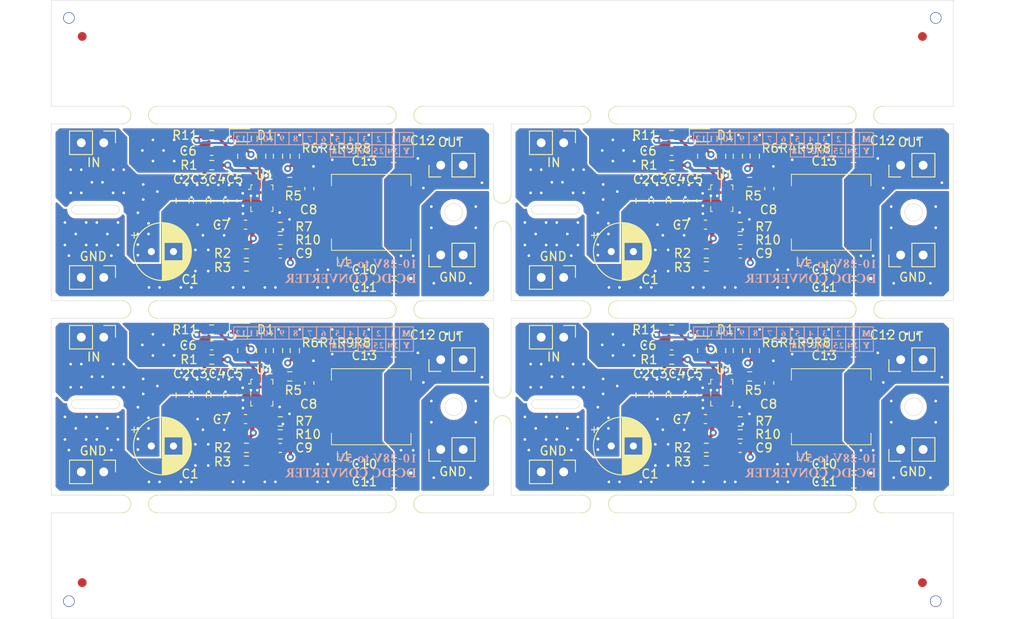
<source format=kicad_pcb>
(kicad_pcb (version 20240108) (generator "pcbnew") (generator_version "8.0")
  (layers (0 "F.Cu" signal) (1 "In1.Cu" signal) (2 "In2.Cu" signal) (31 "B.Cu" signal) (34 "B.Paste" user) (35 "F.Paste" user) (36 "B.SilkS" user "B.Silkscreen") (37 "F.SilkS" user "F.Silkscreen") (38 "B.Mask" user) (39 "F.Mask" user) (44 "Edge.Cuts" user))
  (net 0 "")
  (net 1 "GND")
  (net 2 "+24V")
  (net 3 "Net-(U1-EN)")
  (net 4 "VCC")
  (net 5 "Net-(C8-Pad2)")
  (net 6 "Net-(U1-SW)")
  (net 7 "+5V")
  (net 8 "Net-(U1-FB)")
  (net 9 "Net-(U1-VSEL1)")
  (net 10 "Net-(U1-VSEL2)")
  (net 11 "Net-(U1-ILIM)")
  (net 12 "Net-(U1-BST)")
  (net 13 "Net-(U1-PG)")
  (net 14 "Net-(U1-MODE)")
  (net 15 "Net-(D1-K)")
  (footprint "Capacitor_SMD:C_0805_2012Metric" (layer "F.Cu") (at 88.704999 53.64 180)
    (property "Reference" "C13")
    (property "Value" "22u")
  )
  (footprint "Resistor_SMD:R_0603_1608Metric" (layer "F.Cu") (at 127.8975 83.665)
    (property "Reference" "R7")
    (property "Value" "11k")
  )
  (footprint "Connector_PinHeader_2.54mm:PinHeader_1x02_P2.54mm_Vertical" (layer "F.Cu") (at 146.0375 64.83 90)
    (property "Reference" "J4" (hide yes))
    (property "Value" "Conn_01x02_Pin")
  )
  (footprint "Resistor_SMD:R_0603_1608Metric" (layer "F.Cu") (at 72.0675 88.115)
    (property "Reference" "R3")
    (property "Value" "10k")
  )
  (footprint "Resistor_SMD:R_0603_1608Metric" (layer "F.Cu") (at 75.8975 85.125 180)
    (property "Reference" "R10")
    (property "Value" "100k")
  )
  (footprint "Fiducial:Fiducial_0.5mm_Mask1mm" (layer "F.Cu") (at 59 68.5)
    (property "Reference" "REF**" (hide yes))
    (property "Value" "Fiducial_0.5mm_Mask1mm")
  )
  (footprint "HK:Inductor_IHLP3232DZER4R7M11_HK" (layer "F.Cu") (at 86.1805 82)
    (property "Reference" "L1")
    (property "Value" "4u7")
  )
  (footprint "Resistor_SMD:R_0603_1608Metric" (layer "F.Cu") (at 68.1375 51.275)
    (property "Reference" "R11")
    (property "Value" "1k")
  )
  (footprint "Capacitor_SMD:C_0805_2012Metric" (layer "F.Cu") (at 116.8525 80.685001 -90)
    (property "Reference" "C2")
    (property "Value" "10u")
  )
  (footprint "Capacitor_SMD:C_0805_2012Metric" (layer "F.Cu") (at 68.7725 58.684999 -90)
    (property "Reference" "C4")
    (property "Value" "10u")
  )
  (footprint "Capacitor_SMD:C_0603_1608Metric" (layer "F.Cu") (at 79.1825 79.32 90)
    (property "Reference" "C8")
    (property "Value" "1u")
  )
  (footprint "Resistor_SMD:R_0603_1608Metric" (layer "F.Cu") (at 73.7325 75.65 90)
    (property "Reference" "R4")
    (property "Value" "51k")
  )
  (footprint "Capacitor_SMD:C_0805_2012Metric" (layer "F.Cu") (at 64.8525 80.685001 -90)
    (property "Reference" "C2")
    (property "Value" "10u")
  )
  (footprint "Panelization:mouse-bite-2mm-slot" (layer "F.Cu") (at 142 71 180)
    (property "Reference" "mouse-bite-2mm-slot3" (hide yes))
    (property "Value" "VAL**" (hide yes))
  )
  (footprint "Capacitor_SMD:C_0805_2012Metric" (layer "F.Cu") (at 88.754999 68.46 180)
    (property "Reference" "C11")
    (property "Value" "22u")
  )
  (footprint "Resistor_SMD:R_0603_1608Metric" (layer "F.Cu") (at 75.8975 83.665)
    (property "Reference" "R7")
    (property "Value" "11k")
  )
  (footprint "Resistor_SMD:R_0603_1608Metric" (layer "F.Cu") (at 77.5375 53.645 -90)
    (property "Reference" "R8")
    (property "Value" "0")
  )
  (footprint "Connector_PinHeader_2.54mm:PinHeader_1x02_P2.54mm_Vertical" (layer "F.Cu") (at 55.9375 89.37 -90)
    (property "Reference" "J2" (hide yes))
    (property "Value" "Conn_01x02_Pin")
  )
  (footprint "Fiducial:Fiducial_1mm_Mask2mm" (layer "F.Cu") (at 148.5 101.9)
    (property "Reference" "REF**" (hide yes))
    (property "Value" "Fiducial_1mm_Mask2mm")
  )
  (footprint "Capacitor_SMD:C_0805_2012Metric" (layer "F.Cu") (at 88.754999 88.5 180)
    (property "Reference" "C10")
    (property "Value" "22u")
  )
  (footprint "Panelization:mouse-bite-2mm-slot" (layer "F.Cu") (at 112 93 180)
    (property "Reference" "mouse-bite-2mm-slot" (hide yes))
    (property "Value" "VAL**" (hide yes))
  )
  (footprint "Resistor_SMD:R_0603_1608Metric" (layer "F.Cu") (at 125.7325 75.65 90)
    (property "Reference" "R4")
    (property "Value" "51k")
  )
  (footprint "Connector_PinHeader_2.54mm:PinHeader_1x02_P2.54mm_Vertical" (layer "F.Cu") (at 107.9375 67.37 -90)
    (property "Reference" "J2" (hide yes))
    (property "Value" "Conn_01x02_Pin")
  )
  (footprint "Resistor_SMD:R_0603_1608Metric" (layer "F.Cu") (at 73.7325 53.65 90)
    (property "Reference" "R4")
    (property "Value" "51k")
  )
  (footprint "Capacitor_SMD:C_0603_1608Metric" (layer "F.Cu") (at 122.4825 80.7 -90)
    (property "Reference" "C5")
    (property "Value" "100n")
  )
  (footprint "Capacitor_SMD:C_0805_2012Metric" (layer "F.Cu") (at 68.7725 80.684999 -90)
    (property "Reference" "C4")
    (property "Value" "10u")
  )
  (footprint "HK:QFN-13_HK" (layer "F.Cu") (at 73.8125 80.405)
    (property "Reference" "U1")
    (property "Value" "MP2491C")
  )
  (footprint "Capacitor_SMD:C_0805_2012Metric" (layer "F.Cu") (at 140.754999 90.46 180)
    (property "Reference" "C11")
    (property "Value" "22u")
  )
  (footprint "Fiducial:Fiducial_1mm_Mask2mm" (layer "F.Cu") (at 53.5 40.1)
    (property "Reference" "REF**" (hide yes))
    (property "Value" "Fiducial_1mm_Mask2mm")
  )
  (footprint "Capacitor_THT:CP_Radial_D6.3mm_P2.50mm" (layer "F.Cu") (at 61.3175 86.44)
    (property "Reference" "C1")
    (property "Value" "100u")
  )
  (footprint "Capacitor_SMD:C_0603_1608Metric" (layer "F.Cu") (at 68.1475 53.05 180)
    (property "Reference" "C6")
    (property "Value" "1n")
  )
  (footprint "Resistor_SMD:R_0603_1608Metric" (layer "F.Cu") (at 129.5375 75.645 -90)
    (property "Reference" "R8")
    (property "Value" "0")
  )
  (footprint "" (layer "F.Cu") (at 150 38)
    (property "Reference" "")
    (property "Value" "")
  )
  (footprint "HK:Inductor_IHLP3232DZER4R7M11_HK" (layer "F.Cu") (at 138.1805 60)
    (property "Reference" "L1")
    (property "Value" "4u7")
  )
  (footprint "Resistor_SMD:R_0603_1608Metric" (layer "F.Cu") (at 72.0675 64.655)
    (property "Reference" "R2")
    (property "Value" "10k")
  )
  (footprint "Resistor_SMD:R_0603_1608Metric" (layer "F.Cu") (at 123.605 75.65 90)
    (property "Reference" "R6")
    (property "Value" "10k")
  )
  (footprint "Resistor_SMD:R_0603_1608Metric" (layer "F.Cu") (at 127.8975 85.125 180)
    (property "Reference" "R10")
    (property "Value" "100k")
  )
  (footprint "Resistor_SMD:R_0603_1608Metric" (layer "F.Cu") (at 68.1525 54.66)
    (property "Reference" "R1")
    (property "Value" "300k")
  )
  (footprint "Connector_PinHeader_2.54mm:PinHeader_1x02_P2.54mm_Vertical" (layer "F.Cu") (at 94.0375 64.83 90)
    (property "Reference" "J4" (hide yes))
    (property "Value" "Conn_01x02_Pin")
  )
  (footprint "Connector_PinHeader_2.54mm:PinHeader_1x02_P2.54mm_Vertical" (layer "F.Cu") (at 94.0375 54.67 90)
    (property "Reference" "J3" (hide yes))
    (property "Value" "Conn_01x02_Pin")
  )
  (footprint "Capacitor_SMD:C_0603_1608Metric" (layer "F.Cu") (at 127.8975 64.655 180)
    (property "Reference" "C9")
    (property "Value" "22p")
  )
  (footprint "Capacitor_SMD:C_0603_1608Metric" (layer "F.Cu") (at 123.9675 83.395 180)
    (property "Reference" "C7")
    (property "Value" "2u2")
  )
  (footprint "Capacitor_SMD:C_0603_1608Metric" (layer "F.Cu") (at 127.8975 86.655 180)
    (property "Reference" "C9")
    (property "Value" "22p")
  )
  (footprint "Resistor_SMD:R_0603_1608Metric" (layer "F.Cu") (at 68.1525 76.66)
    (property "Reference" "R1")
    (property "Value" "300k")
  )
  (footprint "" (layer "F.Cu") (at 52 104)
    (property "Reference" "")
    (property "Value" "")
  )
  (footprint "Resistor_SMD:R_0603_1608Metric" (layer "F.Cu") (at 129.5375 53.645 -90)
    (property "Reference" "R8")
    (property "Value" "0")
  )
  (footprint "Resistor_SMD:R_0603_1608Metric" (layer "F.Cu") (at 75.8975 63.125 180)
    (property "Reference" "R10")
    (property "Value" "100k")
  )
  (footprint "Connector_PinHeader_2.54mm:PinHeader_1x02_P2.54mm_Vertical" (layer "F.Cu") (at 107.9375 89.37 -90)
    (property "Reference" "J2" (hide yes))
    (property "Value" "Conn_01x02_Pin")
  )
  (footprint "Fiducial:Fiducial_0.5mm_Mask1mm" (layer "F.Cu") (at 59 90.5)
    (property "Reference" "REF**" (hide yes))
    (property "Value" "Fiducial_0.5mm_Mask1mm")
  )
  (footprint "Capacitor_SMD:C_0805_2012Metric" (layer "F.Cu") (at 118.8125 80.685001 -90)
    (property "Reference" "C3")
    (property "Value" "10u")
  )
  (footprint "Resistor_SMD:R_0603_1608Metric" (layer "F.Cu") (at 123.605 53.65 90)
    (property "Reference" "R6")
    (property "Value" "10k")
  )
  (footprint "Capacitor_THT:CP_Radial_D6.3mm_P2.50mm" (layer "F.Cu") (at 113.3175 64.44)
    (property "Reference" "C1")
    (property "Value" "100u")
  )
  (footprint "LED_SMD:LED_0603_1608Metric" (layer "F.Cu") (at 123.6375 73.275)
    (property "Reference" "D1")
    (property "Value" "LED")
  )
  (footprint "" (layer "F.Cu") (at 52 38)
    (property "Reference" "")
    (property "Value" "")
  )
  (footprint "Fiducial:Fiducial_0.5mm_Mask1mm" (layer "F.Cu") (at 111 90.5)
    (property "Reference" "REF**" (hide yes))
    (property "Value" "Fiducial_0.5mm_Mask1mm")
  )
  (footprint "Capacitor_SMD:C_0805_2012Metric" (layer "F.Cu") (at 140.754999 66.5 180)
    (property "Reference" "C10")
    (property "Value" "22u")
  )
  (footprint "Connector_PinHeader_2.54mm:PinHeader_1x02_P2.54mm_Vertical" (layer "F.Cu") (at 146.0375 54.67 90)
    (property "Reference" "J3" (hide yes))
    (property "Value" "Conn_01x02_Pin")
  )
  (footprint "Capacitor_SMD:C_0805_2012Metric" (layer "F.Cu") (at 88.705 73.68 180)
    (property "Reference" "C12")
    (property "Value" "22u")
  )
  (footprint "Capacitor_SMD:C_0603_1608Metric" (layer "F.Cu") (at 131.1825 79.32 90)
    (property "Reference" "C8")
    (property "Value" "1u")
  )
  (footprint "Fiducial:Fiducial_1mm_Mask2mm" (layer "F.Cu") (at 148.5 40.1)
    (property "Reference" "REF**" (hide yes))
    (property "Value" "Fiducial_1mm_Mask2mm")
  )
  (footprint "Resistor_SMD:R_0603_1608Metric" (layer "F.Cu") (at 124.0675 66.115)
    (property "Reference" "R3")
    (property "Value" "10k")
  )
  (footprint "Resistor_SMD:R_0603_1608Metric" (layer "F.Cu") (at 120.1525 54.66)
    (property "Reference" "R1")
    (property "Value" "300k")
  )
  (footprint "Resistor_SMD:R_0603_1608Metric" (layer "F.Cu") (at 120.1525 76.66)
    (property "Reference" "R1")
    (property "Value" "300k")
  )
  (footprint "Resistor_SMD:R_0603_1608Metric" (layer "F.Cu") (at 124.0675 64.655)
    (property "Reference" "R2")
    (property "Value" "10k")
  )
  (footprint "Capacitor_SMD:C_0805_2012Metric" (layer "F.Cu") (at 120.7725 58.684999 -90)
    (property "Reference" "C4")
    (property "Value" "10u")
  )
  (footprint "Capacitor_SMD:C_0603_1608Metric" (layer "F.Cu") (at 122.4825 58.7 -90)
    (property "Reference" "C5")
    (property "Value" "100n")
  )
  (footprint "Panelization:mouse-bite-2mm-slot" (layer "F.Cu") (at 90 93 180)
    (property "Reference" "mouse-bite-2mm-slot" (hide yes))
    (property "Value" "VAL**" (hide yes))
  )
  (footprint "Capacitor_SMD:C_0805_2012Metric" (layer "F.Cu") (at 118.8125 58.685001 -90)
    (property "Reference" "C3")
    (property "Value" "10u")
  )
  (footprint "HK:Inductor_IHLP3232DZER4R7M11_HK" (layer "F.Cu") (at 138.1805 82)
    (property "Reference" "L1")
    (property "Value" "4u7")
  )
  (footprint "Panelization:mouse-bite-2mm-slot" (layer "F.Cu") (at 142 49 180)
    (property "Reference" "mouse-bite-2mm-slot" (hide yes))
    (property "Value" "VAL**" (hide yes))
  )
  (footprint "Fiducial:Fiducial_1mm_Mask2mm" (layer "F.Cu") (at 53.5 101.9)
    (property "Reference" "REF**" (hide yes))
    (property "Value" "Fiducial_1mm_Mask2mm")
  )
  (footprint "Resistor_SMD:R_0603_1608Metric" (layer "F.Cu") (at 77.5375 75.645 -90)
    (property "Reference" "R8")
    (property "Value" "0")
  )
  (footprint "Capacitor_SMD:C_0805_2012Metric" (layer "F.Cu") (at 116.8525 58.685001 -90)
    (property "Reference" "C2")
    (property "Value" "10u")
  )
  (footprint "Capacitor_THT:CP_Radial_D6.3mm_P2.50mm" (layer "F.Cu") (at 61.3175 64.44)
    (property "Reference" "C1")
    (property "Value" "100u")
  )
  (footprint "Capacitor_SMD:C_0805_2012Metric" (layer "F.Cu") (at 140.705 51.68 180)
    (property "Reference" "C12")
    (property "Value" "22u")
  )
  (footprint "Resistor_SMD:R_0603_1608Metric" (layer "F.Cu") (at 127.8975 61.665)
    (property "Reference" "R7")
    (property "Value" "11k")
  )
  (footprint "LED_SMD:LED_0603_1608Metric" (layer "F.Cu") (at 123.6375 51.275)
    (property "Reference" "D1")
    (property "Value" "LED")
  )
  (footprint "Panelization:mouse-bite-2mm-slot" (layer "F.Cu") (at 90 49 180)
    (property "Reference" "mouse-bite-2mm-slot" (hide yes))
    (property "Value" "VAL**" (hide yes))
  )
  (footprint "HK:QFN-13_HK" (layer "F.Cu") (at 125.8125 58.405)
    (property "Reference" "U1")
    (property "Value" "MP2491C")
  )
  (footprint "Capacitor_SMD:C_0603_1608Metric" (layer "F.Cu") (at 131.1825 57.32 90)
    (property "Reference" "C8")
    (property "Value" "1u")
  )
  (footprint "Resistor_SMD:R_0603_1608Metric" (layer "F.Cu") (at 125.7325 53.65 90)
    (property "Reference" "R4")
    (property "Value" "51k")
  )
  (footprint "Capacitor_SMD:C_0805_2012Metric" (layer "F.Cu") (at 140.704999 75.64 180)
    (property "Reference" "C13")
    (property "Value" "22u")
  )
  (footprint "Resistor_SMD:R_0603_1608Metric" (layer "F.Cu") (at 120.1375 73.275)
    (property "Reference" "R11")
    (property "Value" "1k")
  )
  (footprint "Fiducial:Fiducial_0.5mm_Mask1mm" (layer "F.Cu") (at 111 68.5)
    (property "Reference" "REF**" (hide yes))
    (property "Value" "Fiducial_0.5mm_Mask1mm")
  )
  (footprint "Capacitor_SMD:C_0603_1608Metric" (layer "F.Cu") (at 75.8975 86.655 180)
    (property "Reference" "C9")
    (property "Value" "22p")
  )
  (footprint "HK:QFN-13_HK" (layer "F.Cu") (at 125.8125 80.405)
    (property "Reference" "U1")
    (property "Value" "MP2491C")
  )
  (footprint "Connector_PinHeader_2.54mm:PinHeader_1x02_P2.54mm_Vertical" (layer "F.Cu") (at 107.9375 74.13 -90)
    (property "Reference" "J1" (hide yes))
    (property "Value" "Conn_01x02_Pin")
  )
  (footprint "Capacitor_SMD:C_0805_2012Metric" (layer "F.Cu") (at 88.704999 75.64 180)
    (property "Reference" "C13")
    (property "Value" "22u")
  )
  (footprint "LED_SMD:LED_0603_1608Metric" (layer "F.Cu") (at 71.6375 51.275)
    (property "Reference" "D1")
    (property "Value" "LED")
  )
  (footprint "Capacitor_SMD:C_0603_1608Metric" (layer "F.Cu") (at 79.1825 57.32 90)
    (property "Reference" "C8")
    (property "Value" "1u")
  )
  (footprint "Capacitor_SMD:C_0603_1608Metric" (layer "F.Cu") (at 71.9675 83.395 180)
    (property "Reference" "C7")
    (property "Value" "2u2")
  )
  (footprint "Connector_PinHeader_2.54mm:PinHeader_1x02_P2.54mm_Vertical" (layer "F.Cu") (at 55.9375 67.37 -90)
    (property "Reference" "J2" (hide yes))
    (property "Value" "Conn_01x02_Pin")
  )
  (footprint "Capacitor_SMD:C_0603_1608Metric" (layer "F.Cu") (at 120.1475 75.05 180)
    (property "Reference" "C6")
    (property "Value" "1n")
  )
  (footprint "Connector_PinHeader_2.54mm:PinHeader_1x02_P2.54mm_Vertical" (layer "F.Cu") (at 146.0375 86.83 90)
    (property "Reference" "J4" (hide yes))
    (property "Value" "Conn_01x02_Pin")
  )
  (footprint "Capacitor_SMD:C_0805_2012Metric" (layer "F.Cu") (at 120.7725 80.684999 -90)
    (property "Reference" "C4")
    (property "Value" "10u")
  )
  (footprint "Resistor_SMD:R_0603_1608Metric" (layer "F.Cu") (at 72.0675 66.115)
    (property "Reference" "R3")
    (property "Value" "10k")
  )
  (footprint "Resistor_SMD:R_0603_1608Metric" (layer "F.Cu") (at 76.9675 78.565)
    (property "Reference" "R5")
    (property "Value" "0")
  )
  (footprint "Capacitor_SMD:C_0805_2012Metric" (layer "F.Cu") (at 140.754999 88.5 180)
    (property "Reference" "C10")
    (property "Value" "22u")
  )
  (footprint "Resistor_SMD:R_0603_1608Metric" (layer "F.Cu") (at 75.8975 61.665)
    (property "Reference" "R7")
    (property "Value" "11k")
  )
  (footprint "Resistor_SMD:R_0603_1608Metric" (layer "F.Cu") (at 128.9675 56.565)
    (property "Reference" "R5")
    (property "Value" "0")
  )
  (footprint "Capacitor_SMD:C_0603_1608Metric" (layer "F.Cu") (at 68.1475 75.05 180)
    (property "Reference" "C6")
    (property "Value" "1n")
  )
  (footprint "Capacitor_SMD:C_0805_2012Metric" (layer "F.Cu") (at 66.8125 80.685001 -90)
    (property "Reference" "C3")
    (property "Value" "10u")
  )
  (footprint "Resistor_SMD:R_0603_1608Metric" (layer "F.Cu") (at 71.605 53.65 90)
    (property "Reference" "R6")
    (property "Value" "10k")
  )
  (footprint "Connector_PinHeader_2.54mm:PinHeader_1x02_P2.54mm_Vertical" (layer "F.Cu") (at 55.9375 74.13 -90)
    (property "Reference" "J1" (hide yes))
    (property "Value" "Conn_01x02_Pin")
  )
  (footprint "Capacitor_THT:CP_Radial_D6.3mm_P2.50mm" (layer "F.Cu") (at 113.3175 86.44)
    (property "Reference" "C1")
    (property "Value" "100u")
  )
  (footprint "Panelization:mouse-bite-2mm-slot" (layer "F.Cu") (at 60 49 180)
    (property "Reference" "mouse-bite-2mm-slot" (hide yes))
    (property "Value" "VAL**" (hide yes))
  )
  (footprint "" (layer "F.Cu") (at 150 104)
    (property "Reference" "")
    (property "Value" "")
  )
  (footprint "Capacitor_SMD:C_0603_1608Metric" (layer "F.Cu") (at 75.8975 64.655 180)
    (property "Reference" "C9")
    (property "Value" "22p")
  )
  (footprint "Resistor_SMD:R_0603_1608Metric" (layer "F.Cu") (at 127.8975 63.125 180)
    (property "Reference" "R10")
    (property "Value" "100k")
  )
  (footprint "Panelization:mouse-bite-2mm-slot" (layer "F.Cu") (at 101 60 90)
    (property "Reference" "mouse-bite-2mm-slot" (hide yes))
    (property "Value" "VAL**" (hide yes))
  )
  (footprint "Resistor_SMD:R_0603_1608Metric" (layer "F.Cu") (at 75.6375 75.645 90)
    (property "Reference" "R9")
    (property "Value" "0")
  )
  (footprint "Resistor_SMD:R_0603_1608Metric" (layer "F.Cu") (at 120.1375 51.275)
    (property "Reference" "R11")
    (property "Value" "1k")
  )
  (footprint "Capacitor_SMD:C_0805_2012Metric" (layer "F.Cu") (at 66.8125 58.685001 -90)
    (property "Reference" "C3")
    (property "Value" "10u")
  )
  (footprint "Panelization:mouse-bite-2mm-slot" (layer "F.Cu") (at 112 71 180)
    (property "Reference" "mouse-bite-2mm-slot1" (hide yes))
    (property "Value" "VAL**" (hide yes))
  )
  (footprint "Capacitor_SMD:C_0603_1608Metric" (layer "F.Cu") (at 123.9675 61.395 180)
    (property "Reference" "C7")
    (property "Value" "2u2")
  )
  (footprint "Connector_PinHeader_2.54mm:PinHeader_1x02_P2.54mm_Vertical" (layer "F.Cu") (at 107.9375 52.13 -90)
    (property "Reference" "J1" (hide yes))
    (property "Value" "Conn_01x02_Pin")
  )
  (footprint "Capacitor_SMD:C_0805_2012Metric" (layer "F.Cu") (at 88.754999 90.46 180)
    (property "Reference" "C11")
    (property "Value" "22u")
  )
  (footprint "Connector_PinHeader_2.54mm:PinHeader_1x02_P2.54mm_Vertical" (layer "F.Cu") (at 94.0375 86.83 90)
    (property "Reference" "J4" (hide yes))
    (property "Value" "Conn_01x02_Pin")
  )
  (footprint "Capacitor_SMD:C_0603_1608Metric" (layer "F.Cu") (at 120.1475 53.05 180)
    (property "Reference" "C6")
    (property "Value" "1n")
  )
  (footprint "Connector_PinHeader_2.54mm:PinHeader_1x02_P2.54mm_Vertical" (layer "F.Cu") (at 55.9375 52.13 -90)
    (property "Reference" "J1" (hide yes))
    (property "Value" "Conn_01x02_Pin")
  )
  (footprint "Capacitor_SMD:C_0805_2012Metric" (layer "F.Cu") (at 88.754999 66.5 180)
    (property "Reference" "C10")
    (property "Value" "22u")
  )
  (footprint "Capacitor_SMD:C_0805_2012Metric" (layer "F.Cu") (at 88.705 51.68 180)
    (property "Reference" "C12")
    (property "Value" "22u")
  )
  (footprint "Resistor_SMD:R_0603_1608Metric" (layer "F.Cu") (at 127.6375 53.645 90)
    (property "Reference" "R9")
    (property "Value" "0")
  )
  (footprint "Connector_PinHeader_2.54mm:PinHeader_1x02_P2.54mm_Vertical" (layer "F.Cu") (at 146.0375 76.67 90)
    (property "Reference" "J3" (hide yes))
    (property "Value" "Conn_01x02_Pin")
  )
  (footprint "Resistor_SMD:R_0603_1608Metric" (layer "F.Cu") (at 68.1375 73.275)
    (property "Reference" "R11")
    (property "Value" "1k")
  )
  (footprint "Panelization:mouse-bite-2mm-slot" (layer "F.Cu") (at 101 82 90)
    (property "Reference" "mouse-bite-2mm-slot8" (hide yes))
    (property "Value" "VAL**" (hide yes))
  )
  (footprint "Capacitor_SMD:C_0603_1608Metric" (layer "F.Cu") (at 70.4825 58.7 -90)
    (property "Reference" "C5")
    (property "Value" "100n")
  )
  (footprint "Capacitor_SMD:C_0805_2012Metric" (layer "F.Cu") (at 64.8525 58.685001 -90)
    (property "Reference" "C2")
    (property "Value" "10u")
  )
  (footprint "Panelization:mouse-bite-2mm-slot" (layer "F.Cu") (at 142 93 180)
    (property "Reference" "mouse-bite-2mm-slot" (hide yes))
    (property "Value" "VAL**" (hide yes))
  )
  (footprint "Panelization:mouse-bite-2mm-slot" (layer "F.Cu") (at 60 71 180)
    (property "Reference" "mouse-bite-2mm-slot" (hide yes))
    (property "Value" "VAL**" (hide yes))
  )
  (footprint "Resistor_SMD:R_0603_1608Metric" (layer "F.Cu") (at 71.605 75.65 90)
    (property "Reference" "R6")
    (property "Value" "10k")
  )
  (footprint "Fiducial:Fiducial_0.5mm_Mask1mm" (layer "F.Cu") (at 98 51.5)
    (property "Reference" "REF**" (hide yes))
    (property "Value" "Fiducial_0.5mm_Mask1mm")
  )
  (footprint "Capacitor_SMD:C_0603_1608Metric" (layer "F.Cu") (at 70.4825 80.7 -90)
    (property "Reference" "C5")
    (property "Value" "100n")
  )
  (footprint "Capacitor_SMD:C_0805_2012Metric" (layer "F.Cu") (at 140.754999 68.46 180)
    (property "Reference" "C11")
    (property "Value" "22u")
  )
  (footprint "Panelization:mouse-bite-2mm-slot" (layer "F.Cu") (at 60 93 180)
    (property "Reference" "mouse-bite-2mm-slot" (hide yes))
    (property "Value" "VAL**" (hide yes))
  )
  (footprint "Resistor_SMD:R_0603_1608Metric" (layer "F.Cu") (at 76.9675 56.565)
    (property "Reference" "R5")
    (property "Value" "0")
  )
  (footprint "Resistor_SMD:R_0603_1608Metric" (layer "F.Cu") (at 124.0675 86.655)
    (property "Reference" "R2")
    (property "Value" "10k")
  )
  (footprint "Resistor_SMD:R_0603_1608Metric" (layer "F.Cu") (at 72.0675 86.655)
    (property "Reference" "R2")
    (property "Value" "10k")
  )
  (footprint "HK:QFN-13_HK" (layer "F.Cu") (at 73.8125 58.405)
    (property "Reference" "U1")
    (property "Value" "MP2491C")
  )
  (footprint "Fiducial:Fiducial_0.5mm_Mask1mm" (layer "F.Cu") (at 150 51.5)
    (property "Reference" "REF**" (hide yes))
    (property "Value" "Fiducial_0.5mm_Mask1mm")
  )
  (footprint "Resistor_SMD:R_0603_1608Metric" (layer "F.Cu") (at 124.0675 88.115)
    (property "Reference" "R3")
    (property "Value" "10k")
  )
  (footprint "Capacitor_SMD:C_0603_1608Metric" (layer "F.Cu") (at 71.9675 61.395 180)
    (property "Reference" "C7")
    (property "Value" "2u2")
  )
  (footprint "Resistor_SMD:R_0603_1608Metric" (layer "F.Cu") (at 128.9675 78.565)
    (property "Reference" "R5")
    (property "Value" "0")
  )
  (footprint "LED_SMD:LED_0603_1608Metric" (layer "F.Cu") (at 71.6375 73.275)
    (property "Reference" "D1")
    (property "Value" "LED")
  )
  (footprint "Panelization:mouse-bite-2mm-slot" (layer "F.Cu") (at 112 49 180)
    (property "Reference" "mouse-bite-2mm-slot" (hide yes))
    (property "Value" "VAL**" (hide yes))
  )
  (footprint "Panelization:mouse-bite-2mm-slot" (layer "F.Cu") (at 90 71 180)
    (property "Reference" "mouse-bite-2mm-slot" (hide yes))
    (property "Value" "VAL**" (hide yes))
  )
  (footprint "Resistor_SMD:R_0603_1608Metric" (layer "F.Cu") (at 75.6375 53.645 90)
    (property "Reference" "R9")
    (property "Value" "0")
  )
  (footprint "Resistor_SMD:R_0603_1608Metric" (layer "F.Cu") (at 127.6375 75.645 90)
    (property "Reference" "R9")
    (property "Value" "0")
  )
  (footprint "Capacitor_SMD:C_0805_2012Metric" (layer "F.Cu") (at 140.704999 53.64 180)
    (property "Reference" "C13")
    (property "Value" "22u")
  )
  (footprint "Capacitor_SMD:C_0805_2012Metric" (layer "F.Cu") (at 140.705 73.68 180)
    (property "Reference" "C12")
    (property "Value" "22u")
  )
  (footprint "Fiducial:Fiducial_0.5mm_Mask1mm" (layer "F.Cu") (at 150 73.5)
    (property "Reference" "REF**" (hide yes))
    (property "Value" "Fiducial_0.5mm_Mask1mm")
  )
  (footprint "HK:Inductor_IHLP3232DZER4R7M11_HK" (layer "F.Cu") (at 86.1805 60)
    (property "Reference" "L1")
    (property "Value" "4u7")
  )
  (footprint "Fiducial:Fiducial_0.5mm_Mask1mm" (layer "F.Cu") (at 98 73.5)
    (property "Reference" "REF**" (hide yes))
    (property "Value" "Fiducial_0.5mm_Mask1mm")
  )
  (footprint "Connector_PinHeader_2.54mm:PinHeader_1x02_P2.54mm_Vertical" (layer "F.Cu") (at 94.0375 76.67 90)
    (property "Reference" "J3" (hide yes))
    (property "Value" "Conn_01x02_Pin")
  )
  (gr_poly (pts (xy 84.694836 74.353289) (xy 83.131679 74.353289) (xy 83.131679 72.962595) (xy 84.694836 72.962595)) (stroke (width 0.1)) (fill none) (layer "B.SilkS"))
  (gr_poly (pts (xy 128.099317 51.307031) (xy 128.107324 51.307393) (xy 128.115293 51.307997) (xy 128.123223 51.308842) (xy 128.131114 51.309928) (xy 128.138966 51.311257) (xy 128.146779 51.312826) (xy 128.154553 51.314637) (xy 128.162289 51.31669) (xy 128.169985 51.318984) (xy 128.177643 51.32152) (xy 128.185261 51.324297) (xy 128.192841 51.327316) (xy 128.200382 51.330576) (xy 128.207884 51.334077) (xy 128.215347 51.33782) (xy 128.222554 51.341769) (xy 128.229596 51.34589) (xy 128.236473 51.350184) (xy 128.243185 51.35465) (xy 128.249732 51.359289) (xy 128.256115 51.364101) (xy 128.262333 51.369085) (xy 128.268386 51.374242) (xy 128.274274 51.379571) (xy 128.279997 51.385073) (xy 128.285556 51.390747) (xy 128.29095 51.396594) (xy 128.296179 51.402614) (xy 128.301244 51.408807) (xy 128.306144 51.415172) (xy 128.310879 51.421709) (xy 128.315386 51.428238) (xy 128.319602 51.434852) (xy 128.323528 51.441553) (xy 128.327163 51.44834) (xy 128.330507 51.455213) (xy 128.33356 51.462172) (xy 128.336323 51.469218) (xy 128.338794 51.47635) (xy 128.340975 51.483568) (xy 128.342865 51.490872) (xy 128.344464 51.498262) (xy 128.345773 51.505739) (xy 128.34679 51.513302) (xy 128.347517 51.520951) (xy 128.347953 51.528687) (xy 128.348099 51.536509) (xy 128.347978 51.546186) (xy 128.347614 51.555621) (xy 128.347008 51.564814) (xy 128.34616 51.573766) (xy 128.345069 51.582477) (xy 128.343736 51.590946) (xy 128.342161 51.599173) (xy 128.340343 51.607159) (xy 128.338283 51.614903) (xy 128.335981 51.622406) (xy 128.333436 51.629667) (xy 128.330649 51.636686) (xy 128.327619 51.643464) (xy 128.324348 51.65) (xy 128.320834 51.656295) (xy 128.317078 51.662348) (xy 128.313123 51.668044) (xy 128.309013 51.673541) (xy 128.304747 51.678841) (xy 128.300327 51.683942) (xy 128.295752 51.688844) (xy 128.291021 51.693549) (xy 128.286136 51.698055) (xy 128.281095 51.702363) (xy 128.275899 51.706472) (xy 128.270548 51.710384) (xy 128.265043 51.714097) (xy 128.259382 51.717612) (xy 128.253566 51.720928) (xy 128.247595 51.724047) (xy 128.241469 51.726967) (xy 128.235187 51.729689) (xy 128.2288 51.732095) (xy 128.222354 51.734346) (xy 128.21585 51.736442) (xy 128.209287 51.738383) (xy 128.202667 51.740168) (xy 128.195988 51.741798) (xy 128.189251 51.743273) (xy 128.182456 51.744592) (xy 128.175603 51.745757) (xy 128.168691 51.746766) (xy 128.161721 51.747619) (xy 128.154693 51.748318) (xy 128.147607 51.748861) (xy 128.140463 51.749249) (xy 128.13326 51.749482) (xy 128.125999 51.74956) (xy 128.119797 51.749456) (xy 128.113594 51.749146) (xy 128.107391 51.748628) (xy 128.101188 51.747904) (xy 128.094985 51.746973) (xy 128.088782 51.745834) (xy 128.082579 51.744489) (xy 128.076375 51.742937) (xy 128.070172 51.741178) (xy 128.063969 51.739212) (xy 128.057766 51.737039) (xy 128.051562 51.734659) (xy 128.045359 51.732072) (xy 128.039155 51.729278) (xy 128.032952 51.726278) (xy 128.026749 51.72307) (xy 128.030465 51.733225) (xy 128.034482 51.743267) (xy 128.0388 51.753197) (xy 128.043418 51.763015) (xy 128.048337 51.772721) (xy 128.053557 51.782314) (xy 128.059076 51.791796) (xy 128.064897 51.801166) (xy 128.071018 51.810424) (xy 128.07744 51.819569) (xy 128.084162 51.828603) (xy 128.091184 51.837525) (xy 128.098508 51.846334) (xy 128.106131 51.855032) (xy 128.114055 51.863618) (xy 128.12228 51.872092) (xy 128.130839 51.880276) (xy 128.139767 51.88827) (xy 128.149063 51.896075) (xy 128.158727 51.90369) (xy 128.16876 51.911115) (xy 128.179161 51.918351) (xy 128.189931 51.925397) (xy 128.201069 51.932253) (xy 128.212575 51.93892) (xy 128.22445 51.945396) (xy 128.236693 51.951683) (xy 128.249304 51.957781) (xy 128.262284 51.963688) (xy 128.275632 51.969406) (xy 128.289348 51.974934) (xy 128.303432 51.980273) (xy 128.303402 51.980265) (xy 128.303706 51.982201) (xy 128.30397 51.984136) (xy 128.304194 51.986069) (xy 128.304377 51.988001) (xy 128.304519 51.989932) (xy 128.304621 51.991861) (xy 128.304682 51.993788) (xy 128.304703 51.995714) (xy 128.304516 51.996661) (xy 128.304282 51.997592) (xy 128.304001 51.998507) (xy 128.303671 51.999407) (xy 128.303294 52.00029) (xy 128.30287 52.001157) (xy 128.302397 52.002009) (xy 128.301877 52.002844) (xy 128.301309 52.003664) (xy 128.300694 52.004467) (xy 128.300031 52.005255) (xy 128.29932 52.006027) (xy 128.298562 52.006783) (xy 128.297756 52.007523) (xy 128.296902 52.008247) (xy 128.296001 52.008955) (xy 128.285592 52.007437) (xy 128.274833 52.005643) (xy 128.263725 52.003573) (xy 128.252268 52.001227) (xy 128.240462 51.998605) (xy 128.228307 51.995708) (xy 128.215803 51.992534) (xy 128.202949 51.989084) (xy 128.189864 51.984998) (xy 128.176661 51.980462) (xy 128.163342 51.975478) (xy 128.149907 51.970044) (xy 128.136356 51.964162) (xy 128.122688 51.957831) (xy 128.108905 51.951052) (xy 128.095005 51.943823) (xy 128.080813 51.93582) (xy 128.066777 51.927264) (xy 128.052897 51.918157) (xy 128.039171 51.908498) (xy 128.025601 51.898287) (xy 128.012186 51.887525) (xy 127.998926 51.87621) (xy 127.985821 51.864344) (xy 127.976882 51.855634) (xy 127.96806 51.846614) (xy 127.959354 51.837284) (xy 127.950765 51.827643) (xy 127.942292 51.817691) (xy 127.933936 51.80743) (xy 127.925695 51.796857) (xy 127.917572 51.785975) (xy 127.909703 51.774541) (xy 127.902222 51.762866) (xy 127.895128 51.750949) (xy 127.888421 51.73879) (xy 127.882101 51.726389) (xy 127.876168 51.713747) (xy 127.870622 51.700862) (xy 127.865463 51.687735) (xy 127.862908 51.680952) (xy 127.860518 51.674126) (xy 127.858293 51.667257) (xy 127.856233 51.660345) (xy 127.854337 51.65339) (xy 127.852606 51.646391) (xy 127.851041 51.63935) (xy 127.849639 51.632265) (xy 127.848403 51.625138) (xy 127.847331 51.617967) (xy 127.846425 51.610753) (xy 127.845683 51.603496) (xy 127.845106 51.596196) (xy 127.844694 51.588853) (xy 127.844447 51.581467) (xy 127.844364 51.574038) (xy 127.844495 51.565247) (xy 127.844888 51.556533) (xy 127.845233 51.55197) (xy 128.003151 51.55197) (xy 128.003232 51.565148) (xy 128.003477 51.579292) (xy 128.003883 51.594403) (xy 128.004452 51.61048) (xy 128.004808 51.618345) (xy 128.005326 51.625934) (xy 128.006008 51.633247) (xy 128.006852 51.640284) (xy 128.007858 51.647044) (xy 128.009027 51.653529) (xy 128.010358 51.659738) (xy 128.011852 51.665671) (xy 128.011913 51.665674) (xy 128.013489 51.667023) (xy 128.015113 51.66833) (xy 128.016785 51.669595) (xy 128.018506 51.670819) (xy 128.020276 51.672) (xy 128.022094 51.67314) (xy 128.02396 51.674237) (xy 128.025875 51.675293) (xy 128.027838 51.676307) (xy 128.029849 51.677279) (xy 128.031909 51.67821) (xy 128.034017 51.679098) (xy 128.036174 51.679945) (xy 128.038379 51.68075) (xy 128.040633 51.681513) (xy 128.042934 51.682234) (xy 128.047473 51.683265) (xy 128.051778 51.684159) (xy 128.05585 51.684915) (xy 128.059689 51.685533) (xy 128.063295 51.686014) (xy 128.066668 51.686358) (xy 128.069808 51.686564) (xy 128.072716 51.686632) (xy 128.077926 51.686538) (xy 128.083009 51.686253) (xy 128.087967 51.685779) (xy 128.092799 51.685115) (xy 128.097505 51.684261) (xy 128.102085 51.683217) (xy 128.106539 51.681984) (xy 128.110867 51.680561) (xy 128.11507 51.678948) (xy 128.119146 51.677145) (xy 128.123096 51.675153) (xy 128.12692 51.672971) (xy 128.130618 51.670599) (xy 128.13419 51.668037) (xy 128.137637 51.665286) (xy 128.140957 51.662344) (xy 128.144156 51.65911) (xy 128.147239 51.655755) (xy 128.150205 51.65228) (xy 128.153055 51.648684) (xy 128.155788 51.644967) (xy 128.158405 51.641129) (xy 128.160906 51.63717) (xy 128.16329 51.633091) (xy 128.165558 51.628891) (xy 128.16771 51.624571) (xy 128.169745 51.620129) (xy 128.171664 51.615568) (xy 128.173467 51.610885) (xy 128.175153 51.606082) (xy 128.176723 51.601158) (xy 128.178177 51.596113) (xy 128.180793 51.585835) (xy 128.183061 51.575418) (xy 128.184979 51.564862) (xy 128.186549 51.554168) (xy 128.187769 51.543337) (xy 128.188641 51.532366) (xy 128.189164 51.521258) (xy 128.189339 51.510012) (xy 128.189242 51.501026) (xy 128.188951 51.492281) (xy 128.188466 51.483778) (xy 128.187787 51.475517) (xy 128.186915 51.467496) (xy 128.185848 51.459717) (xy 128.184588 51.45218) (xy 128.183134 51.444884) (xy 128.181485 51.43783) (xy 128.179643 51.431016) (xy 128.177607 51.424445) (xy 128.175378 51.418115) (xy 128.172954 51.412026) (xy 128.170337 51.406179) (xy 128.167525 51.400573) (xy 128.16452 51.395209) (xy 128.161379 51.389996) (xy 128.158161 51.385119) (xy 128.154865 51.380579) (xy 128.151491 51.376375) (xy 128.14804 51.372508) (xy 128.144511 51.368976) (xy 128.140905 51.365781) (xy 128.137221 51.362922) (xy 128.13346 51.3604) (xy 128.129621 51.358214) (xy 128.125705 51.356364) (xy 128.121711 51.35485) (xy 128.119685 51.35422) (xy 128.11764 51.353673) (xy 128.115575 51.353211) (xy 128.113491 51.352832) (xy 128.109265 51.352328) (xy 128.104961 51.35216) (xy 128.100218 51.35228) (xy 128.0956 51.352643) (xy 128.091108 51.353246) (xy 128.086742 51.354092) (xy 128.082502 51.355178) (xy 128.078388 51.356507) (xy 128.0744 51.358076) (xy 128.070538 51.359887) (xy 128.066801 51.36194) (xy 128.06319 51.364234) (xy 128.059706 51.36677) (xy 128.056347 51.369547) (xy 128.053114 51.372566) (xy 128.050007 51.375826) (xy 128.047026 51.379327) (xy 128.04417 51.38307) (xy 128.041433 51.386994) (xy 128.038803 51.391039) (xy 128.036279 51.395205) (xy 128.033861 51.399491) (xy 128.03155 51.403898) (xy 128.029345 51.408426) (xy 128.027247 51.413074) (xy 128.025255 51.417843) (xy 128.02337 51.422733) (xy 128.021591 51.427743) (xy 128.019918 51.432874) (xy 128.018351 51.438126) (xy 128.016891 51.443499) (xy 128.015538 51.448992) (xy 128.01429 51.454606) (xy 128.013149 51.460341) (xy 128.010806 51.471915) (xy 128.008775 51.483455) (xy 128.007057 51.49496) (xy 128.005651 51.506431) (xy 128.004557 51.517868) (xy 128.003776 51.52927) (xy 128.003307 51.540637) (xy 128.003151 51.55197) (xy 127.845233 51.55197) (xy 127.845542 51.547897) (xy 127.846458 51.539338) (xy 127.847635 51.530857) (xy 127.849075 51.522453) (xy 127.850776 51.514127) (xy 127.852739 51.505878) (xy 127.854963 51.497706) (xy 127.85745 51.489613) (xy 127.860198 51.481596) (xy 127.863208 51.473658) (xy 127.866479 51.465797) (xy 127.870013 51.458013) (xy 127.873808 51.450307) (xy 127.877865 51.442679) (xy 127.88214 51.43518) (xy 127.886589 51.427863) (xy 127.891213 51.420727) (xy 127.896011 51.413772) (xy 127.900983 51.406999) (xy 127.90613 51.400406) (xy 127.911452 51.393994) (xy 127.916947 51.387764) (xy 127.922617 51.381714) (xy 127.928462 51.375846) (xy 127.934481 51.370159) (xy 127.940675 51.364653) (xy 127.947043 51.359328) (xy 127.953585 51.354184) (xy 127.960302 51.349221) (xy 127.967194 51.344439) (xy 127.974221 51.339894) (xy 127.981346 51.335643) (xy 127.988568 51.331684) (xy 127.995887 51.328019) (xy 128.003302 51.324648) (xy 128.010815 51.321569) (xy 128.018424 51.318784) (xy 128.026131 51.316292) (xy 128.033934 51.314093) (xy 128.041834 51.312187) (xy 128.049831 51.310574) (xy 128.057925 51.309255) (xy 128.066116 51.308229) (xy 128.074404 51.307496) (xy 128.082789 51.307056) (xy 128.09127 51.30691)) (stroke (width -0.000001)) (fill solid) (layer "B.SilkS"))
  (gr_poly (pts (xy 139.821149 53.743983) (xy 138.257992 53.743983) (xy 138.257992 52.353289) (xy 139.821149 52.353289)) (stroke (width 0.1)) (fill none) (layer "B.SilkS"))
  (gr_poly (pts (xy 133.568523 52.353289) (xy 132.005367 52.353289) (xy 132.005367 50.962595) (xy 133.568523 50.962595)) (stroke (width 0.1)) (fill none) (layer "B.SilkS"))
  (gr_poly (pts (xy 76.879047 74.353289) (xy 75.315891 74.353289) (xy 75.315891 72.962595) (xy 76.879047 72.962595)) (stroke (width 0.1)) (fill none) (layer "B.SilkS"))
  (gr_poly (pts (xy 87.821156 52.353289) (xy 86.257999 52.353289) (xy 86.257999 50.962595) (xy 87.821156 50.962595)) (stroke (width 0.1)) (fill none) (layer "B.SilkS"))
  (gr_poly (pts (xy 142.947469 75.743983) (xy 141.384313 75.743983) (xy 141.384313 74.353289) (xy 142.947469 74.353289)) (stroke (width 0.1)) (fill none) (layer "B.SilkS"))
  (gr_poly (pts (xy 84.962607 52.698893) (xy 84.973365 52.700515) (xy 84.984473 52.702482) (xy 84.99593 52.704794) (xy 85.007736 52.70745) (xy 85.01989 52.71045) (xy 85.032394 52.713796) (xy 85.045246 52.717486) (xy 85.058352 52.721572) (xy 85.071613 52.726108) (xy 85.085029 52.731093) (xy 85.098599 52.736526) (xy 85.112325 52.742408) (xy 85.126205 52.748739) (xy 85.14024 52.755519) (xy 85.15443 52.762747) (xy 85.161395 52.76655) (xy 85.168331 52.770509) (xy 85.175238 52.774623) (xy 85.182116 52.778892) (xy 85.188965 52.783316) (xy 85.195785 52.787895) (xy 85.202576 52.79263) (xy 85.209337 52.79752) (xy 85.222773 52.807765) (xy 85.236092 52.818631) (xy 85.249294 52.830118) (xy 85.262379 52.842226) (xy 85.271315 52.850693) (xy 85.280136 52.85954) (xy 85.28884 52.868766) (xy 85.297427 52.878372) (xy 85.305898 52.888358) (xy 85.314254 52.898724) (xy 85.322493 52.90947) (xy 85.330616 52.920595) (xy 85.338504 52.932049) (xy 85.346044 52.943778) (xy 85.353236 52.955782) (xy 85.360079 52.968063) (xy 85.366574 52.98062) (xy 85.37272 52.993452) (xy 85.378518 53.006561) (xy 85.383968 53.019945) (xy 85.386373 53.026595) (xy 85.388622 53.033295) (xy 85.390716 53.040048) (xy 85.392654 53.046853) (xy 85.394438 53.053709) (xy 85.396067 53.060617) (xy 85.39754 53.067576) (xy 85.398858 53.074588) (xy 85.400021 53.081651) (xy 85.401029 53.088765) (xy 85.401882 53.095932) (xy 85.40258 53.10315) (xy 85.403122 53.11042) (xy 85.40351 53.117742) (xy 85.403742 53.125115) (xy 85.40382 53.13254) (xy 85.403689 53.141202) (xy 85.403296 53.149804) (xy 85.402642 53.158346) (xy 85.401726 53.166827) (xy 85.400548 53.175248) (xy 85.399108 53.183609) (xy 85.397407 53.191909) (xy 85.395444 53.200149) (xy 85.393219 53.208329) (xy 85.390733 53.216448) (xy 85.387985 53.224508) (xy 85.384975 53.232506) (xy 85.381703 53.240445) (xy 85.37817 53.248323) (xy 85.374376 53.256141) (xy 85.370319 53.263899) (xy 85.365895 53.271397) (xy 85.361306 53.278715) (xy 85.356553 53.285851) (xy 85.351634 53.292806) (xy 85.34655 53.299579) (xy 85.341302 53.306172) (xy 85.335889 53.312584) (xy 85.330311 53.318814) (xy 85.324568 53.324863) (xy 85.31866 53.330732) (xy 85.312587 53.336419) (xy 85.30635 53.341925) (xy 85.299947 53.34725) (xy 85.29338 53.352394) (xy 85.286648 53.357357) (xy 85.279751 53.362139) (xy 85.272578 53.366684) (xy 85.265328 53.370935) (xy 85.258 53.374893) (xy 85.250594 53.378558) (xy 85.243111 53.38193) (xy 85.23555 53.385009) (xy 85.227912 53.387794) (xy 85.220196 53.390286) (xy 85.212402 53.392485) (xy 85.204531 53.394391) (xy 85.196582 53.396003) (xy 85.188556 53.397323) (xy 85.180452 53.398349) (xy 85.17227 53.399082) (xy 85.164011 53.399521) (xy 85.155674 53.399668) (xy 85.147634 53.399547) (xy 85.139643 53.399185) (xy 85.1317 53.398581) (xy 85.123805 53.397736) (xy 85.115959 53.396649) (xy 85.108161 53.395321) (xy 85.100411 53.393752) (xy 85.092709 53.39194) (xy 85.085056 53.389888) (xy 85.077452 53.387594) (xy 85.069896 53.385058) (xy 85.062388 53.382281) (xy 85.054928 53.379262) (xy 85.047517 53.376002) (xy 85.040155 53.372501) (xy 85.032841 53.368757) (xy 85.025635 53.364679) (xy 85.018593 53.360445) (xy 85.011716 53.356056) (xy 85.005004 53.351511) (xy 84.998457 53.346812) (xy 84.992075 53.341957) (xy 84.985857 53.336947) (xy 84.979804 53.331781) (xy 84.973916 53.326461) (xy 84.968192 53.320985) (xy 84.962634 53.315353) (xy 84.95724 53.309567) (xy 84.952011 53.303625) (xy 84.946947 53.297528) (xy 84.942047 53.291276) (xy 84.937313 53.284868) (xy 84.932806 53.27834) (xy 84.92859 53.271726) (xy 84.924665 53.265025) (xy 84.921031 53.258238) (xy 84.917687 53.251365) (xy 84.914634 53.244406) (xy 84.911872 53.23736) (xy 84.909401 53.230228) (xy 84.90722 53.22301) (xy 84.90533 53.215706) (xy 84.903731 53.208315) (xy 84.902423 53.200839) (xy 84.901848 53.196566) (xy 85.05891 53.196566) (xy 85.059007 53.205557) (xy 85.059298 53.214315) (xy 85.059783 53.22284) (xy 85.060461 53.231132) (xy 85.061333 53.239191) (xy 85.0624 53.247018) (xy 85.06366 53.254611) (xy 85.065114 53.261972) (xy 85.066762 53.269099) (xy 85.068604 53.275994) (xy 85.07064 53.282656) (xy 85.07287 53.289085) (xy 85.075293 53.295281) (xy 85.077911 53.301244) (xy 85.080723 53.306974) (xy 85.083729 53.312472) (xy 85.086725 53.31755) (xy 85.089819 53.322301) (xy 85.093009 53.326724) (xy 85.096296 53.330819) (xy 85.09968 53.334587) (xy 85.10316 53.338028) (xy 85.106737 53.34114) (xy 85.110412 53.343925) (xy 85.114183 53.346383) (xy 85.11805 53.348512) (xy 85.122015 53.350315) (xy 85.126077 53.351789) (xy 85.130235 53.352936) (xy 85.13449 53.353755) (xy 85.138842 53.354247) (xy 85.143291 53.35441) (xy 85.148035 53.35429) (xy 85.152653 53.353927) (xy 85.157144 53.353324) (xy 85.16151 53.352479) (xy 85.16575 53.351392) (xy 85.169865 53.350064) (xy 85.173853 53.348494) (xy 85.177715 53.346683) (xy 85.181452 53.34463) (xy 85.185062 53.342336) (xy 85.188547 53.3398) (xy 85.191906 53.337023) (xy 85.195139 53.334005) (xy 85.198246 53.330745) (xy 85.201227 53.327243) (xy 85.204082 53.3235) (xy 85.206817 53.319576) (xy 85.209455 53.315531) (xy 85.211998 53.311365) (xy 85.214445 53.307079) (xy 85.216796 53.302672) (xy 85.219052 53.298144) (xy 85.221211 53.293496) (xy 85.223275 53.288727) (xy 85.225243 53.283837) (xy 85.227116 53.278827) (xy 85.228892 53.273696) (xy 85.230573 53.268444) (xy 85.232158 53.263071) (xy 85.233648 53.257578) (xy 85.235041 53.251964) (xy 85.23634 53.246229) (xy 85.238378 53.234655) (xy 85.240145 53.223115) (xy 85.24164 53.21161) (xy 85.242863 53.200139) (xy 85.243814 53.188702) (xy 85.244493 53.1773) (xy 85.244901 53.165933) (xy 85.245037 53.1546) (xy 85.244956 53.14294) (xy 85.244712 53.130038) (xy 85.244306 53.115896) (xy 85.24374 53.100512) (xy 85.243099 53.092578) (xy 85.242377 53.084783) (xy 85.241573 53.077125) (xy 85.240689 53.069605) (xy 85.239724 53.062222) (xy 85.238677 53.054978) (xy 85.237549 53.047872) (xy 85.23634 53.040903) (xy 85.236332 53.040892) (xy 85.234611 53.039404) (xy 85.232861 53.037976) (xy 85.231082 53.036609) (xy 85.229274 53.035302) (xy 85.227437 53.034056) (xy 85.22557 53.03287) (xy 85.223675 53.031745) (xy 85.221751 53.030681) (xy 85.219798 53.029677) (xy 85.217816 53.028733) (xy 85.215804 53.027851) (xy 85.213764 53.027028) (xy 85.211694 53.026266) (xy 85.209596 53.025565) (xy 85.207468 53.024924) (xy 85.205311 53.024344) (xy 85.200772 53.023313) (xy 85.196467 53.022419) (xy 85.192395 53.021663) (xy 85.188557 53.021045) (xy 85.184951 53.020564) (xy 85.181579 53.02022) (xy 85.178439 53.020014) (xy 85.175533 53.019945) (xy 85.170179 53.020045) (xy 85.164969 53.020342) (xy 85.159905 53.020838) (xy 85.154987 53.021532) (xy 85.150213 53.022425) (xy 85.145585 53.023516) (xy 85.141103 53.024806) (xy 85.136765 53.026294) (xy 85.132573 53.02798) (xy 85.128527 53.029864) (xy 85.124625 53.031947) (xy 85.120869 53.034228) (xy 85.117258 53.036708) (xy 85.113792 53.039385) (xy 85.110471 53.042262) (xy 85.107296 53.045336) (xy 85.104097 53.048437) (xy 85.101014 53.051667) (xy 85.098047 53.055027) (xy 85.095197 53.058515) (xy 85.092463 53.062133) (xy 85.089845 53.065881) (xy 85.087344 53.069757) (xy 85.084959 53.073763) (xy 85.08269 53.077898) (xy 85.080538 53.082163) (xy 85.078503 53.086556) (xy 85.076584 53.091079) (xy 85.074781 53.095732) (xy 85.073095 53.100513) (xy 85.071525 53.105424) (xy 85.070072 53.110464) (xy 85.067457 53.120503) (xy 85.06519 53.130748) (xy 85.063272 53.141201) (xy 85.061702 53.15186) (xy 85.060481 53.162726) (xy 85.059608 53.173799) (xy 85.059085 53.185079) (xy 85.05891 53.196566) (xy 84.901848 53.196566) (xy 84.901405 53.193276) (xy 84.900678 53.185626) (xy 84.900242 53.177891) (xy 84.900097 53.170069) (xy 84.900218 53.160397) (xy 84.900581 53.150975) (xy 84.901187 53.141804) (xy 84.902035 53.132882) (xy 84.903126 53.124211) (xy 84.904459 53.115789) (xy 84.906034 53.107618) (xy 84.907851 53.099697) (xy 84.909911 53.092026) (xy 84.912213 53.084605) (xy 84.914758 53.077434) (xy 84.917545 53.070513) (xy 84.920575 53.063843) (xy 84.923847 53.057423) (xy 84.927361 53.051252) (xy 84.931118 53.045332) (xy 84.935072 53.039503) (xy 84.939182 53.033881) (xy 84.943446 53.028466) (xy 84.947866 53.023258) (xy 84.952441 53.018257) (xy 84.957171 53.013462) (xy 84.962057 53.008874) (xy 84.967097 53.004493) (xy 84.972293 53.00032) (xy 84.977643 52.996352) (xy 84.983149 52.992592) (xy 84.98881 52.989039) (xy 84.994626 52.985692) (xy 85.000597 52.982552) (xy 85.006723 52.979619) (xy 85.013004 52.976893) (xy 85.019247 52.974352) (xy 85.025568 52.971975) (xy 85.031966 52.969762) (xy 85.038441 52.967713) (xy 85.044994 52.965828) (xy 85.051625 52.964107) (xy 85.058333 52.96255) (xy 85.065119 52.961157) (xy 85.071982 52.959927) (xy 85.078922 52.958862) (xy 85.08594 52.957961) (xy 85.093035 52.957223) (xy 85.100207 52.956649) (xy 85.107457 52.95624) (xy 85.114784 52.955994) (xy 85.122189 52.955912) (xy 85.122158 52.955942) (xy 85.127818 52.956063) (xy 85.133633 52.956424) (xy 85.139604 52.957025) (xy 85.145731 52.957868) (xy 85.152013 52.958951) (xy 85.158449 52.960275) (xy 85.165041 52.961839) (xy 85.171787 52.963644) (xy 85.17826 52.965646) (xy 85.184656 52.967785) (xy 85.190975 52.970063) (xy 85.197217 52.972478) (xy 85.203382 52.975031) (xy 85.20947 52.977722) (xy 85.215482 52.98055) (xy 85.221416 52.983515) (xy 85.2177 52.973364) (xy 85.213683 52.963335) (xy 85.209366 52.953426) (xy 85.204748 52.943637) (xy 85.19983 52.93397) (xy 85.194611 52.924423) (xy 85.189091 52.914997) (xy 85.183271 52.905692) (xy 85.177151 52.896507) (xy 85.17073 52.887444) (xy 85.164008 52.878501) (xy 85.156985 52.869678) (xy 85.149662 52.860977) (xy 85.142039 52.852396) (xy 85.134114 52.843936) (xy 85.125889 52.835596) (xy 85.117179 52.827278) (xy 85.108111 52.819157) (xy 85.098685 52.811236) (xy 85.0889 52.803512) (xy 85.078756 52.795987) (xy 85.068254 52.788661) (xy 85.057393 52.781533) (xy 85.046173 52.774603) (xy 85.034595 52.767872) (xy 85.022658 52.761339) (xy 85.010362 52.755005) (xy 84.997707 52.74887) (xy 84.984694 52.742933) (xy 84.971321 52.737194) (xy 84.95759 52.731654) (xy 84.9435 52.726313) (xy 84.943219 52.72521) (xy 84.942975 52.724117) (xy 84.942768 52.723032) (xy 84.942599 52.721956) (xy 84.942468 52.72089) (xy 84.942374 52.719832) (xy 84.942318 52.718784) (xy 84.942299 52.717744) (xy 84.942318 52.716714) (xy 84.942374 52.715692) (xy 84.942468 52.71468) (xy 84.942599 52.713676) (xy 84.942768 52.712682) (xy 84.942975 52.711697) (xy 84.943219 52.710721) (xy 84.9435 52.709753) (xy 84.943686 52.708799) (xy 84.943919 52.70787) (xy 84.9442 52.706968) (xy 84.944529 52.706092) (xy 84.944905 52.705242) (xy 84.94533 52.704418) (xy 84.945802 52.70362) (xy 84.946321 52.702849) (xy 84.946889 52.702103) (xy 84.947504 52.701384) (xy 84.948167 52.700691) (xy 84.948878 52.700023) (xy 84.949636 52.699382) (xy 84.950442 52.698767) (xy 84.951296 52.698178) (xy 84.952198 52.697615)) (stroke (width -0.000001)) (fill solid) (layer "B.SilkS"))
  (gr_poly (pts (xy 87.477306 87.274976) (xy 87.47785 87.275954) (xy 87.478356 87.277056) (xy 87.478825 87.278281) (xy 87.479256 87.279631) (xy 87.479649 87.281104) (xy 87.480006 87.282701) (xy 87.480324 87.284421) (xy 87.480605 87.286265) (xy 87.480849 87.288233) (xy 87.481224 87.292541) (xy 87.481449 87.297343) (xy 87.481523 87.30264) (xy 87.481681 87.305168) (xy 87.481778 87.307597) (xy 87.481813 87.309926) (xy 87.481787 87.312156) (xy 87.481701 87.314286) (xy 87.481553 87.316317) (xy 87.481345 87.318249) (xy 87.481075 87.320081) (xy 87.480745 87.321814) (xy 87.480353 87.323447) (xy 87.479901 87.324981) (xy 87.479387 87.326415) (xy 87.478813 87.32775) (xy 87.478178 87.328986) (xy 87.477482 87.330122) (xy 87.476725 87.331159) (xy 87.473805 87.331234) (xy 87.470588 87.331459) (xy 87.467074 87.331834) (xy 87.463263 87.332359) (xy 87.459154 87.333034) (xy 87.454748 87.333859) (xy 87.450045 87.334834) (xy 87.445043 87.335958) (xy 87.439522 87.337244) (xy 87.434051 87.338729) (xy 87.428629 87.340411) (xy 87.423256 87.342292) (xy 87.417933 87.344371) (xy 87.41266 87.346648) (xy 87.407436 87.349123) (xy 87.402262 87.351796) (xy 87.399538 87.353027) (xy 87.396914 87.354344) (xy 87.394389 87.355748) (xy 87.391963 87.357239) (xy 87.389636 87.358817) (xy 87.387408 87.360481) (xy 87.385279 87.362232) (xy 87.38325 87.36407) (xy 87.381319 87.365994) (xy 87.379488 87.368006) (xy 87.377756 87.370104) (xy 87.376122 87.372288) (xy 87.374588 87.37456) (xy 87.373153 87.376918) (xy 87.371817 87.379363) (xy 87.370581 87.381894) (xy 87.364838 87.394471) (xy 87.358699 87.408433) (xy 87.352163 87.42378) (xy 87.345232 87.440511) (xy 87.330973 87.474967) (xy 87.316713 87.508634) (xy 86.979269 88.292836) (xy 86.9785 88.293824) (xy 86.977767 88.294799) (xy 86.977071 88.295761) (xy 86.976412 88.29671) (xy 86.97579 88.297646) (xy 86.975204 88.29857) (xy 86.974655 88.29948) (xy 86.974143 88.300378) (xy 86.973667 88.301262) (xy 86.973229 88.302134) (xy 86.972827 88.302993) (xy 86.972462 88.30384) (xy 86.972133 88.304673) (xy 86.971841 88.305493) (xy 86.971587 88.306301) (xy 86.971369 88.307095) (xy 86.970942 88.308052) (xy 86.970452 88.308946) (xy 86.969902 88.309779) (xy 86.969289 88.31055) (xy 86.968614 88.31126) (xy 86.967878 88.311907) (xy 86.967079 88.312493) (xy 86.966219 88.313018) (xy 86.965297 88.31348) (xy 86.964313 88.313881) (xy 86.963267 88.314221) (xy 86.962159 88.314498) (xy 86.960989 88.314714) (xy 86.959758 88.314868) (xy 86.958465 88.314961) (xy 86.957109 88.314992) (xy 86.95529 88.314911) (xy 86.953396 88.31467) (xy 86.951428 88.314268) (xy 86.949386 88.313704) (xy 86.94727 88.31298) (xy 86.945079 88.312095) (xy 86.942814 88.311049) (xy 86.940475 88.309842) (xy 86.938062 88.308474) (xy 86.935574 88.306945) (xy 86.933012 88.305255) (xy 86.930376 88.303405) (xy 86.927665 88.301393) (xy 86.924881 88.29922) (xy 86.922022 88.296887) (xy 86.919088 88.294392) (xy 86.915981 88.291628) (xy 86.912998 88.288875) (xy 86.910138 88.286135) (xy 86.907402 88.283406) (xy 86.904791 88.28069) (xy 86.902303 88.277986) (xy 86.899939 88.275295) (xy 86.897699 88.272615) (xy 86.895583 88.269948) (xy 86.89359 88.267293) (xy 86.891722 88.264651) (xy 86.889977 88.26202) (xy 86.888356 88.259402) (xy 86.88686 88.256797) (xy 86.885486 88.254203) (xy 86.884237 88.251622) (xy 86.841464 88.148253) (xy 86.801859 88.053594) (xy 86.7274 87.877744) (xy 86.708292 87.834372) (xy 86.688984 87.789814) (xy 86.669477 87.74407) (xy 86.649771 87.697141) (xy 86.562639 87.48644) (xy 86.554125 87.467727) (xy 86.546008 87.449608) (xy 86.538285 87.432082) (xy 86.530958 87.415151) (xy 86.527344 87.406982) (xy 86.52363 87.39911) (xy 86.519818 87.391536) (xy 86.515906 87.384258) (xy 86.511896 87.377278) (xy 86.507786 87.370595) (xy 86.503577 87.364209) (xy 86.499269 87.358121) (xy 86.498032 87.356572) (xy 86.496695 87.355085) (xy 86.49526 87.353658) (xy 86.493725 87.352293) (xy 86.492092 87.350989) (xy 86.490359 87.349746) (xy 86.488528 87.348565) (xy 86.486597 87.347445) (xy 86.484568 87.346386) (xy 86.482439 87.345388) (xy 86.480212 87.344451) (xy 86.477885 87.343576) (xy 86.47546 87.342762) (xy 86.472935 87.342009) (xy 86.470311 87.341318) (xy 86.467588 87.340688) (xy 86.462042 87.339188) (xy 86.456497 87.337834) (xy 86.450951 87.336627) (xy 86.445406 87.335567) (xy 86.439861 87.334653) (xy 86.434317 87.333886) (xy 86.428772 87.333265) (xy 86.423227 87.332791) (xy 86.412925 87.33209) (xy 86.40421 87.33159) (xy 86.397081 87.331289) (xy 86.394112 87.331214) (xy 86.391539 87.331189) (xy 86.39077 87.33015) (xy 86.390064 87.329011) (xy 86.389421 87.327774) (xy 86.38884 87.326437) (xy 86.388321 87.325001) (xy 86.387865 87.323467) (xy 86.387472 87.321833) (xy 86.387141 87.3201) (xy 86.386872 87.318268) (xy 86.386666 87.316337) (xy 86.386522 87.314307) (xy 86.386441 87.312178) (xy 86.386422 87.30995) (xy 86.386465 87.307622) (xy 86.386571 87.305196) (xy 86.38674 87.302671) (xy 86.386758 87.299956) (xy 86.386815 87.297366) (xy 86.386908 87.2949) (xy 86.387039 87.292558) (xy 86.387208 87.290341) (xy 86.387414 87.288248) (xy 86.387658 87.286279) (xy 86.387939 87.284434) (xy 86.388258 87.282714) (xy 86.388614 87.281118) (xy 86.389007 87.279646) (xy 86.389438 87.278299) (xy 86.389907 87.277076) (xy 86.390413 87.275977) (xy 86.390957 87.275002) (xy 86.391539 87.274152) (xy 86.403272 87.274579) (xy 86.414708 87.275109) (xy 86.425847 87.275742) (xy 86.436689 87.276479) (xy 86.447234 87.277319) (xy 86.457482 87.278261) (xy 86.467433 87.279306) (xy 86.477087 87.280454) (xy 86.486418 87.281202) (xy 86.496194 87.281851) (xy 86.517085 87.28285) (xy 86.539759 87.28345) (xy 86.564218 87.28365) (xy 86.590162 87.28355) (xy 86.614124 87.28325) (xy 86.636105 87.282749) (xy 86.656107 87.282048) (xy 86.749578 87.274152) (xy 86.750154 87.275006) (xy 86.750706 87.275984) (xy 86.751233 87.277086) (xy 86.751736 87.278312) (xy 86.752215 87.279661) (xy 86.75267 87.281134) (xy 86.7531 87.282731) (xy 86.753506 87.284452) (xy 86.754245 87.288264) (xy 86.754888 87.292571) (xy 86.755433 87.297373) (xy 86.75588 87.302671) (xy 86.755856 87.305199) (xy 86.755782 87.307627) (xy 86.755659 87.309957) (xy 86.755486 87.312186) (xy 86.755265 87.314317) (xy 86.754994 87.316348) (xy 86.754674 87.318279) (xy 86.754304 87.320111) (xy 86.753886 87.321844) (xy 86.753418 87.323477) (xy 86.752901 87.325011) (xy 86.752335 87.326446) (xy 86.75172 87.327781) (xy 86.751055 87.329016) (xy 86.750341 87.330152) (xy 86.749578 87.331189) (xy 86.746509 87.331239) (xy 86.742846 87.331389) (xy 86.733736 87.331989) (xy 86.72225 87.332988) (xy 86.708387 87.334386) (xy 86.700912 87.335258) (xy 86.693536 87.336277) (xy 86.686259 87.337443) (xy 86.679081 87.338757) (xy 86.672002 87.340217) (xy 86.665022 87.341824) (xy 86.65814 87.343578) (xy 86.651358 87.345479) (xy 86.648096 87.346494) (xy 86.645045 87.347558) (xy 86.642205 87.348672) (xy 86.639574 87.349835) (xy 86.638338 87.350435) (xy 86.637155 87.351048) (xy 86.636024 87.351673) (xy 86.634945 87.35231) (xy 86.63392 87.35296) (xy 86.632947 87.353622) (xy 86.632026 87.354297) (xy 86.631158 87.354983) (xy 86.630343 87.355683) (xy 86.62958 87.356394) (xy 86.62887 87.357118) (xy 86.628213 87.357855) (xy 86.627608 87.358604) (xy 86.627056 87.359365) (xy 86.626556 87.360138) (xy 86.626109 87.360924) (xy 86.625714 87.361723) (xy 86.625373 87.362533) (xy 86.625083 87.363356) (xy 86.624847 87.364192) (xy 86.624662 87.36504) (xy 86.624531 87.3659) (xy 86.624452 87.366773) (xy 86.624426 87.367658) (xy 86.624475 87.370864) (xy 86.624624 87.374144) (xy 86.624871 87.377498) (xy 86.625218 87.380927) (xy 86.625663 87.38443) (xy 86.626207 87.388007) (xy 86.627593 87.395385) (xy 86.629374 87.403059) (xy 86.631552 87.41103) (xy 86.634125 87.419298) (xy 86.637094 87.427861) (xy 86.642639 87.444298) (xy 86.648184 87.460339) (xy 86.653728 87.475983) (xy 86.659273 87.491231) (xy 86.660288 87.494474) (xy 86.661749 87.498657) (xy 86.666008 87.509845) (xy 86.672049 87.524795) (xy 86.679872 87.543508) (xy 86.6977 87.58945) (xy 86.719484 87.644902) (xy 86.742459 87.704708) (xy 86.767015 87.766889) (xy 86.814547 87.885709) (xy 86.850988 87.974431) (xy 86.863657 88.009282) (xy 86.879496 87.97601) (xy 86.88732 87.957298) (xy 86.896531 87.936009) (xy 86.907126 87.912146) (xy 86.919107 87.885709) (xy 86.931484 87.856502) (xy 86.944851 87.825908) (xy 86.959209 87.793926) (xy 86.974558 87.760556) (xy 87.005057 87.69085) (xy 87.036348 87.621144) (xy 87.065654 87.55223) (xy 87.093378 87.488065) (xy 87.10041 87.472221) (xy 87.107243 87.456377) (xy 87.113876 87.440535) (xy 87.12031 87.424695) (xy 87.122909 87.416601) (xy 87.125161 87.408952) (xy 87.127067 87.401749) (xy 87.128627 87.394992) (xy 87.129277 87.39178) (xy 87.12984 87.38868) (xy 87.130316 87.385691) (xy 87.130706 87.382814) (xy 87.131009 87.380048) (xy 87.131226 87.377393) (xy 87.131356 87.37485) (xy 87.131399 87.372418) (xy 87.131325 87.370083) (xy 87.131232 87.368948) (xy 87.131102 87.367834) (xy 87.130935 87.366743) (xy 87.130731 87.365673) (xy 87.130489 87.364625) (xy 87.130211 87.363598) (xy 87.129895 87.362593) (xy 87.129543 87.36161) (xy 87.129153 87.360649) (xy 87.128726 87.359709) (xy 87.128262 87.358792) (xy 87.127761 87.357896) (xy 87.127222 87.357021) (xy 87.126647 87.356169) (xy 87.126034 87.355338) (xy 87.125385 87.354529) (xy 87.124698 87.353742) (xy 87.123974 87.352976) (xy 87.123213 87.352232) (xy 87.122415 87.35151) (xy 87.121579 87.35081) (xy 87.120707 87.350131) (xy 87.119797 87.349475) (xy 87.11885 87.34884) (xy 87.116846 87.347635) (xy 87.114692 87.346517) (xy 87.11239 87.345487) (xy 87.10981 87.344332) (xy 87.107217 87.343238) (xy 87.104612 87.342206) (xy 87.101995 87.341235) (xy 87.099365 87.340326) (xy 87.096723 87.339479) (xy 87.094068 87.338693) (xy 87.091401 87.337969) (xy 87.088722 87.337306) (xy 87.086031 87.336705) (xy 87.083326 87.336166) (xy 87.08061 87.335688) (xy 87.077881 87.335272) (xy 87.07514 87.334917) (xy 87.072386 87.334625) (xy 87.06962 87.334394) (xy 87.063899 87.333645) (xy 87.058625 87.332996) (xy 87.053797 87.332447) (xy 87.049415 87.331997) (xy 87.045479 87.331647) (xy 87.04199 87.331397) (xy 87.038946 87.331247) (xy 87.036348 87.331197) (xy 87.03558 87.330157) (xy 87.034874 87.329019) (xy 87.034231 87.327781) (xy 87.03365 87.326445) (xy 87.033131 87.325009) (xy 87.032675 87.323474) (xy 87.032281 87.32184) (xy 87.03195 87.320108) (xy 87.031682 87.318276) (xy 87.031476 87.316345) (xy 87.031332 87.314315) (xy 87.03125 87.312185) (xy 87.031232 87.309957) (xy 87.031275 87.30763) (xy 87.031381 87.305204) (xy 87.031549 87.302678) (xy 87.031568 87.299964) (xy 87.031624 87.297373) (xy 87.031718 87.294908) (xy 87.031849 87.292566) (xy 87.032018 87.290349) (xy 87.032224 87.288255) (xy 87.032468 87.286287) (xy 87.032749 87.284442) (xy 87.033067 87.282722) (xy 87.033423 87.281126) (xy 87.033817 87.279654) (xy 87.034248 87.278307) (xy 87.034717 87.277083) (xy 87.035223 87.275984) (xy 87.035767 87.27501) (xy 87.036348 87.27416) (xy 87.059715 87.276417) (xy 87.085458 87.278485) (xy 87.113578 87.280365) (xy 87.144075 87.282056) (xy 87.174176 87.282757) (xy 87.202692 87.283258) (xy 87.229624 87.283558) (xy 87.254972 87.283658) (xy 87.254934 87.28362) (xy 87.280381 87.28352) (xy 87.307609 87.283219) (xy 87.33662 87.282719) (xy 87.367414 87.282018) (xy 87.39801 87.280361) (xy 87.426427 87.278493) (xy 87.452665 87.276413) (xy 87.476725 87.274121)) (stroke (width -0.000001)) (fill solid) (layer "B.SilkS"))
  (gr_poly (pts (xy 87.996584 88.956364) (xy 88.124906 88.959561) (xy 88.154314 88.960262) (xy 88.182336 88.960763) (xy 88.208971 88.961063) (xy 88.23422 88.961163) (xy 88.343531 88.961163) (xy 88.373136 88.960262) (xy 88.40175 88.959161) (xy 88.429375 88.957862) (xy 88.456011 88.956364) (xy 88.456587 88.957219) (xy 88.457138 88.958197) (xy 88.457665 88.959299) (xy 88.458169 88.960524) (xy 88.458647 88.961874) (xy 88.459102 88.963347) (xy 88.459532 88.964943) (xy 88.459938 88.966664) (xy 88.460678 88.970476) (xy 88.46132 88.974784) (xy 88.461865 88.979586) (xy 88.462313 88.984883) (xy 88.462288 88.987602) (xy 88.462214 88.99021) (xy 88.462091 88.992706) (xy 88.461919 88.99509) (xy 88.461697 88.997362) (xy 88.461426 88.999523) (xy 88.461106 89.001571) (xy 88.460737 89.003508) (xy 88.460318 89.005334) (xy 88.45985 89.007047) (xy 88.459333 89.008649) (xy 88.458767 89.010139) (xy 88.458152 89.011517) (xy 88.457487 89.012783) (xy 88.456774 89.013938) (xy 88.456011 89.014981) (xy 88.449771 89.015081) (xy 88.442146 89.015382) (xy 88.433135 89.015882) (xy 88.422739 89.016583) (xy 88.41722 89.01701) (xy 88.411751 89.01754) (xy 88.406331 89.018173) (xy 88.40096 89.01891) (xy 88.395639 89.01975) (xy 88.390366 89.020692) (xy 88.385143 89.021737) (xy 88.379969 89.022885) (xy 88.377466 89.023503) (xy 88.3751 89.024171) (xy 88.372869 89.024889) (xy 88.370773 89.025656) (xy 88.368813 89.026473) (xy 88.367884 89.026899) (xy 88.366989 89.027339) (xy 88.366128 89.02779) (xy 88.365301 89.028254) (xy 88.364507 89.028731) (xy 88.363748 89.029219) (xy 88.363022 89.029721) (xy 88.36233 89.030234) (xy 88.361672 89.03076) (xy 88.361048 89.031298) (xy 88.360458 89.031849) (xy 88.359902 89.032412) (xy 88.35938 89.032987) (xy 88.358892 89.033575) (xy 88.358437 89.034175) (xy 88.358017 89.034788) (xy 88.35763 89.035413) (xy 88.357278 89.03605) (xy 88.356959 89.0367) (xy 88.356675 89.037362) (xy 88.356424 89.038037) (xy 88.356207 89.038724) (xy 88.355051 89.041744) (xy 88.353957 89.044864) (xy 88.351954 89.0514) (xy 88.350198 89.058331) (xy 88.348688 89.065658) (xy 88.347425 89.073381) (xy 88.346409 89.081501) (xy 88.34564 89.090016) (xy 88.345117 89.098927) (xy 88.344419 89.117342) (xy 88.343919 89.137739) (xy 88.343619 89.160117) (xy 88.343519 89.184476) (xy 88.343519 89.753216) (xy 88.343619 89.776978) (xy 88.343919 89.799158) (xy 88.344419 89.819753) (xy 88.345117 89.838765) (xy 88.345639 89.847679) (xy 88.346407 89.856196) (xy 88.346884 89.860305) (xy 88.347423 89.864316) (xy 88.348023 89.868227) (xy 88.348685 89.872039) (xy 88.349409 89.875752) (xy 88.350195 89.879366) (xy 88.351042 89.882881) (xy 88.351952 89.886297) (xy 88.352923 89.889613) (xy 88.353956 89.892831) (xy 88.35505 89.895949) (xy 88.356207 89.898968) (xy 88.35667 89.900147) (xy 88.35727 89.901301) (xy 88.358006 89.90243) (xy 88.358878 89.903533) (xy 88.359887 89.904611) (xy 88.361031 89.905664) (xy 88.362312 89.906692) (xy 88.363729 89.907694) (xy 88.365282 89.908672) (xy 88.366971 89.909624) (xy 88.368797 89.910551) (xy 88.370759 89.911452) (xy 88.372857 89.912329) (xy 88.375091 89.91318) (xy 88.377462 89.914006) (xy 88.379969 89.914807) (xy 88.390364 89.917064) (xy 88.400958 89.919133) (xy 88.411749 89.921012) (xy 88.422739 89.922703) (xy 88.433137 89.9235) (xy 88.442149 89.924299) (xy 88.449773 89.925099) (xy 88.453065 89.9255) (xy 88.456011 89.9259) (xy 88.456774 89.92694) (xy 88.457487 89.928078) (xy 88.458152 89.929316) (xy 88.458767 89.930652) (xy 88.459333 89.932088) (xy 88.45985 89.933623) (xy 88.460318 89.935257) (xy 88.460737 89.936989) (xy 88.461106 89.938821) (xy 88.461426 89.940752) (xy 88.461697 89.942782) (xy 88.461919 89.944912) (xy 88.462091 89.94714) (xy 88.462214 89.949467) (xy 88.462288 89.951893) (xy 88.462313 89.954419) (xy 88.462112 89.956947) (xy 88.461885 89.959375) (xy 88.461633 89.961705) (xy 88.461355 89.963935) (xy 88.461051 89.966065) (xy 88.460722 89.968096) (xy 88.460367 89.970027) (xy 88.459986 89.97186) (xy 88.459579 89.973592) (xy 88.459147 89.975226) (xy 88.458688 89.976759) (xy 88.458205 89.978194) (xy 88.457695 89.979529) (xy 88.457159 89.980764) (xy 88.456598 89.981901) (xy 88.456011 89.982937) (xy 88.007666 89.982937) (xy 87.976625 89.982467) (xy 87.946079 89.981056) (xy 87.916028 89.978705) (xy 87.886473 89.975413) (xy 87.857412 89.97118) (xy 87.828846 89.966007) (xy 87.800775 89.959894) (xy 87.773199 89.952839) (xy 87.759448 89.948756) (xy 87.74592 89.944425) (xy 87.732615 89.939846) (xy 87.719533 89.93502) (xy 87.706673 89.929946) (xy 87.694036 89.924624) (xy 87.681623 89.919055) (xy 87.669432 89.913238) (xy 87.657463 89.907174) (xy 87.645718 89.900862) (xy 87.634195 89.894302) (xy 87.622896 89.887495) (xy 87.611818 89.880441) (xy 87.600964 89.873139) (xy 87.590332 89.865589) (xy 87.579924 89.857792) (xy 87.569576 89.849543) (xy 87.559525 89.841034) (xy 87.549772 89.832264) (xy 87.540315 89.823235) (xy 87.531156 89.813947) (xy 87.522294 89.804398) (xy 87.513729 89.794589) (xy 87.505462 89.784521) (xy 87.497491 89.774192) (xy 87.489817 89.763604) (xy 87.482441 89.752756) (xy 87.475361 89.741647) (xy 87.468579 89.730279) (xy 87.462094 89.718651) (xy 87.455905 89.706763) (xy 87.450014 89.694615) (xy 87.444258 89.681997) (xy 87.438874 89.669094) (xy 87.43386 89.655907) (xy 87.429219 89.642434) (xy 87.424948 89.628677) (xy 87.421049 89.614636) (xy 87.417522 89.600309) (xy 87.414365 89.585698) (xy 87.41158 89.570802) (xy 87.409167 89.555621) (xy 87.407124 89.540156) (xy 87.405453 89.524406) (xy 87.404154 89.508372) (xy 87.403226 89.492053) (xy 87.402687 89.47601) (xy 87.649622 89.47601) (xy 87.649975 89.503678) (xy 87.651033 89.530442) (xy 87.652797 89.556303) (xy 87.655266 89.581261) (xy 87.658441 89.605315) (xy 87.662321 89.628466) (xy 87.666907 89.650714) (xy 87.672198 89.672058) (xy 87.678194 89.692498) (xy 87.684896 89.712035) (xy 87.692304 89.730669) (xy 87.700417 89.748399) (xy 87.709235 89.765226) (xy 87.718759 89.781149) (xy 87.728989 89.796168) (xy 87.739923 89.810284) (xy 87.751403 89.823329) (xy 87.763662 89.835532) (xy 87.7767 89.846894) (xy 87.790519 89.857414) (xy 87.805118 89.867092) (xy 87.820496 89.875929) (xy 87.836654 89.883925) (xy 87.853591 89.891079) (xy 87.871309 89.897391) (xy 87.889806 89.902861) (xy 87.909083 89.907491) (xy 87.92914 89.911278) (xy 87.949976 89.914224) (xy 87.971593 89.916328) (xy 87.993988 89.91759) (xy 88.017164 89.918011) (xy 88.024689 89.917863) (xy 88.032213 89.917418) (xy 88.039738 89.916676) (xy 88.047263 89.915637) (xy 88.054788 89.914301) (xy 88.062313 89.912668) (xy 88.069838 89.910739) (xy 88.077364 89.908513) (xy 88.081042 89.907108) (xy 88.084547 89.905666) (xy 88.087878 89.904187) (xy 88.091035 89.902671) (xy 88.094019 89.901117) (xy 88.096829 89.899527) (xy 88.099466 89.897899) (xy 88.101929 89.896234) (xy 88.104219 89.894532) (xy 88.106334 89.892793) (xy 88.108277 89.891017) (xy 88.110046 89.889204) (xy 88.111641 89.887354) (xy 88.112373 89.886415) (xy 88.113062 89.885467) (xy 88.113708 89.884509) (xy 88.11431 89.883542) (xy 88.114869 89.882566) (xy 88.115385 89.881581) (xy 88.116912 89.877843) (xy 88.118341 89.873758) (xy 88.119674 89.869326) (xy 88.12091 89.864547) (xy 88.122048 89.859422) (xy 88.12309 89.853951) (xy 88.124035 89.848133) (xy 88.124884 89.841969) (xy 88.125582 89.829492) (xy 88.126082 89.817411) (xy 88.126382 89.805726) (xy 88.126482 89.794438) (xy 88.126482 89.132207) (xy 88.126448 89.132237) (xy 88.126448 89.068883) (xy 88.12602 89.06423) (xy 88.12549 89.059775) (xy 88.124857 89.055518) (xy 88.124121 89.051459) (xy 88.123282 89.047598) (xy 88.12234 89.043936) (xy 88.12183 89.042179) (xy 88.121294 89.040472) (xy 88.120733 89.038814) (xy 88.120146 89.037205) (xy 88.119291 89.035666) (xy 88.118313 89.034214) (xy 88.117211 89.032848) (xy 88.115986 89.031568) (xy 88.114636 89.030374) (xy 88.113163 89.029267) (xy 88.111567 89.028246) (xy 88.109846 89.027312) (xy 88.108002 89.026464) (xy 88.106034 89.025702) (xy 88.103942 89.025027) (xy 88.101726 89.024438) (xy 88.099387 89.023936) (xy 88.096924 89.023519) (xy 88.094338 89.02319) (xy 88.091627 89.022946) (xy 88.085661 89.022198) (xy 88.079646 89.021549) (xy 88.073582 89.020999) (xy 88.067468 89.02055) (xy 88.061305 89.0202) (xy 88.055092 89.01995) (xy 88.048829 89.019799) (xy 88.042517 89.019749) (xy 88.028172 89.019947) (xy 88.01405 89.020542) (xy 88.000151 89.021532) (xy 87.986474 89.022918) (xy 87.973021 89.0247) (xy 87.95979 89.026879) (xy 87.946781 89.029453) (xy 87.933996 89.032424) (xy 87.921434 89.03579) (xy 87.909094 89.039553) (xy 87.896977 89.043712) (xy 87.885083 89.048267) (xy 87.873412 89.053218) (xy 87.861963 89.058565) (xy 87.850738 89.064308) (xy 87.839735 89.070447) (xy 87.828795 89.076981) (xy 87.818152 89.083911) (xy 87.807805 89.091237) (xy 87.797756 89.09896) (xy 87.788003 89.107078) (xy 87.778548 89.115593) (xy 87.769389 89.124504) (xy 87.760528 89.133812) (xy 87.751963 89.143515) (xy 87.743695 89.153615) (xy 87.735724 89.164111) (xy 87.72805 89.175002) (xy 87.720673 89.18629) (xy 87.713593 89.197975) (xy 87.706809 89.210055) (xy 87.700323 89.222531) (xy 87.694183 89.235403) (xy 87.68844 89.248672) (xy 87.683092 89.262336) (xy 87.678141 89.276397) (xy 87.673586 89.290853) (xy 87.669426 89.305706) (xy 87.665664 89.320954) (xy 87.662297 89.336599) (xy 87.659326 89.35264) (xy 87.656751 89.369076) (xy 87.654573 89.385909) (xy 87.652791 89.403137) (xy 87.651404 89.420761) (xy 87.650414 89.438782) (xy 87.64982 89.457198) (xy 87.649622 89.47601) (xy 87.402687 89.47601) (xy 87.402669 89.475449) (xy 87.402483 89.458562) (xy 87.402774 89.438938) (xy 87.403646 89.419674) (xy 87.4051 89.400769) (xy 87.407136 89.382222) (xy 87.409754 89.364035) (xy 87.412953 89.346206) (xy 87.416734 89.328736) (xy 87.421097 89.311625) (xy 87.426042 89.294873) (xy 87.431568 89.27848) (xy 87.437676 89.262446) (xy 87.444366 89.24677) (xy 87.451637 89.231454) (xy 87.45949 89.216496) (xy 87.467925 89.201897) (xy 87.476942 89.187657) (xy 87.486292 89.173807) (xy 87.496125 89.160378) (xy 87.506441 89.14737) (xy 87.517239 89.134782) (xy 87.528521 89.122616) (xy 87.540285 89.11087) (xy 87.552532 89.099546) (xy 87.565261 89.088642) (xy 87.578474 89.078159) (xy 87.592169 89.068097) (xy 87.606347 89.058455) (xy 87.621007 89.049235) (xy 87.63615 89.040435) (xy 87.651777 89.032056) (xy 87.667885 89.024098) (xy 87.684477 89.01656) (xy 87.701291 89.00927) (xy 87.718464 89.002449) (xy 87.735996 88.9961) (xy 87.753887 88.99022) (xy 87.772136 88.984811) (xy 87.790745 88.979873) (xy 87.809713 88.975404) (xy 87.829039 88.971407) (xy 87.848724 88.967879) (xy 87.868769 88.964822) (xy 87.889172 88.962235) (xy 87.909934 88.960119) (xy 87.931055 88.958473) (xy 87.952535 88.957297) (xy 87.974374 88.956592) (xy 87.996572 88.956357)) (stroke (width -0.000001)) (fill solid) (layer "B.SilkS"))
  (gr_poly (pts (xy 76.099317 51.307031) (xy 76.107324 51.307393) (xy 76.115293 51.307997) (xy 76.123223 51.308842) (xy 76.131114 51.309928) (xy 76.138966 51.311257) (xy 76.146779 51.312826) (xy 76.154553 51.314637) (xy 76.162289 51.31669) (xy 76.169985 51.318984) (xy 76.177643 51.32152) (xy 76.185261 51.324297) (xy 76.192841 51.327316) (xy 76.200382 51.330576) (xy 76.207884 51.334077) (xy 76.215347 51.33782) (xy 76.222554 51.341769) (xy 76.229596 51.34589) (xy 76.236473 51.350184) (xy 76.243185 51.35465) (xy 76.249732 51.359289) (xy 76.256115 51.364101) (xy 76.262333 51.369085) (xy 76.268386 51.374242) (xy 76.274274 51.379571) (xy 76.279997 51.385073) (xy 76.285556 51.390747) (xy 76.29095 51.396594) (xy 76.296179 51.402614) (xy 76.301244 51.408807) (xy 76.306144 51.415172) (xy 76.310879 51.421709) (xy 76.315386 51.428238) (xy 76.319602 51.434852) (xy 76.323528 51.441553) (xy 76.327163 51.44834) (xy 76.330507 51.455213) (xy 76.33356 51.462172) (xy 76.336323 51.469218) (xy 76.338794 51.47635) (xy 76.340975 51.483568) (xy 76.342865 51.490872) (xy 76.344464 51.498262) (xy 76.345773 51.505739) (xy 76.34679 51.513302) (xy 76.347517 51.520951) (xy 76.347953 51.528687) (xy 76.348099 51.536509) (xy 76.347978 51.546186) (xy 76.347614 51.555621) (xy 76.347008 51.564814) (xy 76.34616 51.573766) (xy 76.345069 51.582477) (xy 76.343736 51.590946) (xy 76.342161 51.599173) (xy 76.340343 51.607159) (xy 76.338283 51.614903) (xy 76.335981 51.622406) (xy 76.333436 51.629667) (xy 76.330649 51.636686) (xy 76.327619 51.643464) (xy 76.324348 51.65) (xy 76.320834 51.656295) (xy 76.317078 51.662348) (xy 76.313123 51.668044) (xy 76.309013 51.673541) (xy 76.304747 51.678841) (xy 76.300327 51.683942) (xy 76.295752 51.688844) (xy 76.291021 51.693549) (xy 76.286136 51.698055) (xy 76.281095 51.702363) (xy 76.275899 51.706472) (xy 76.270548 51.710384) (xy 76.265043 51.714097) (xy 76.259382 51.717612) (xy 76.253566 51.720928) (xy 76.247595 51.724047) (xy 76.241469 51.726967) (xy 76.235187 51.729689) (xy 76.2288 51.732095) (xy 76.222354 51.734346) (xy 76.21585 51.736442) (xy 76.209287 51.738383) (xy 76.202667 51.740168) (xy 76.195988 51.741798) (xy 76.189251 51.743273) (xy 76.182456 51.744592) (xy 76.175603 51.745757) (xy 76.168691 51.746766) (xy 76.161721 51.747619) (xy 76.154693 51.748318) (xy 76.147607 51.748861) (xy 76.140463 51.749249) (xy 76.13326 51.749482) (xy 76.125999 51.74956) (xy 76.119797 51.749456) (xy 76.113594 51.749146) (xy 76.107391 51.748628) (xy 76.101188 51.747904) (xy 76.094985 51.746973) (xy 76.088782 51.745834) (xy 76.082579 51.744489) (xy 76.076375 51.742937) (xy 76.070172 51.741178) (xy 76.063969 51.739212) (xy 76.057766 51.737039) (xy 76.051562 51.734659) (xy 76.045359 51.732072) (xy 76.039155 51.729278) (xy 76.032952 51.726278) (xy 76.026749 51.72307) (xy 76.030465 51.733225) (xy 76.034482 51.743267) (xy 76.0388 51.753197) (xy 76.043418 51.763015) (xy 76.048337 51.772721) (xy 76.053557 51.782314) (xy 76.059076 51.791796) (xy 76.064897 51.801166) (xy 76.071018 51.810424) (xy 76.07744 51.819569) (xy 76.084162 51.828603) (xy 76.091184 51.837525) (xy 76.098508 51.846334) (xy 76.106131 51.855032) (xy 76.114055 51.863618) (xy 76.12228 51.872092) (xy 76.130839 51.880276) (xy 76.139767 51.88827) (xy 76.149063 51.896075) (xy 76.158727 51.90369) (xy 76.16876 51.911115) (xy 76.179161 51.918351) (xy 76.189931 51.925397) (xy 76.201069 51.932253) (xy 76.212575 51.93892) (xy 76.22445 51.945396) (xy 76.236693 51.951683) (xy 76.249304 51.957781) (xy 76.262284 51.963688) (xy 76.275632 51.969406) (xy 76.289348 51.974934) (xy 76.303432 51.980273) (xy 76.303402 51.980265) (xy 76.303706 51.982201) (xy 76.30397 51.984136) (xy 76.304194 51.986069) (xy 76.304377 51.988001) (xy 76.304519 51.989932) (xy 76.304621 51.991861) (xy 76.304682 51.993788) (xy 76.304703 51.995714) (xy 76.304516 51.996661) (xy 76.304282 51.997592) (xy 76.304001 51.998507) (xy 76.303671 51.999407) (xy 76.303294 52.00029) (xy 76.30287 52.001157) (xy 76.302397 52.002009) (xy 76.301877 52.002844) (xy 76.301309 52.003664) (xy 76.300694 52.004467) (xy 76.300031 52.005255) (xy 76.29932 52.006027) (xy 76.298562 52.006783) (xy 76.297756 52.007523) (xy 76.296902 52.008247) (xy 76.296001 52.008955) (xy 76.285592 52.007437) (xy 76.274833 52.005643) (xy 76.263725 52.003573) (xy 76.252268 52.001227) (xy 76.240462 51.998605) (xy 76.228307 51.995708) (xy 76.215803 51.992534) (xy 76.202949 51.989084) (xy 76.189864 51.984998) (xy 76.176661 51.980462) (xy 76.163342 51.975478) (xy 76.149907 51.970044) (xy 76.136356 51.964162) (xy 76.122688 51.957831) (xy 76.108905 51.951052) (xy 76.095005 51.943823) (xy 76.080813 51.93582) (xy 76.066777 51.927264) (xy 76.052897 51.918157) (xy 76.039171 51.908498) (xy 76.025601 51.898287) (xy 76.012186 51.887525) (xy 75.998926 51.87621) (xy 75.985821 51.864344) (xy 75.976882 51.855634) (xy 75.96806 51.846614) (xy 75.959354 51.837284) (xy 75.950765 51.827643) (xy 75.942292 51.817691) (xy 75.933936 51.80743) (xy 75.925695 51.796857) (xy 75.917572 51.785975) (xy 75.909703 51.774541) (xy 75.902222 51.762866) (xy 75.895128 51.750949) (xy 75.888421 51.73879) (xy 75.882101 51.726389) (xy 75.876168 51.713747) (xy 75.870622 51.700862) (xy 75.865463 51.687735) (xy 75.862908 51.680952) (xy 75.860518 51.674126) (xy 75.858293 51.667257) (xy 75.856233 51.660345) (xy 75.854337 51.65339) (xy 75.852606 51.646391) (xy 75.851041 51.63935) (xy 75.849639 51.632265) (xy 75.848403 51.625138) (xy 75.847331 51.617967) (xy 75.846425 51.610753) (xy 75.845683 51.603496) (xy 75.845106 51.596196) (xy 75.844694 51.588853) (xy 75.844447 51.581467) (xy 75.844364 51.574038) (xy 75.844495 51.565247) (xy 75.844888 51.556533) (xy 75.845233 51.55197) (xy 76.003151 51.55197) (xy 76.003232 51.565148) (xy 76.003477 51.579292) (xy 76.003883 51.594403) (xy 76.004452 51.61048) (xy 76.004808 51.618345) (xy 76.005326 51.625934) (xy 76.006008 51.633247) (xy 76.006852 51.640284) (xy 76.007858 51.647044) (xy 76.009027 51.653529) (xy 76.010358 51.659738) (xy 76.011852 51.665671) (xy 76.011913 51.665674) (xy 76.013489 51.667023) (xy 76.015113 51.66833) (xy 76.016785 51.669595) (xy 76.018506 51.670819) (xy 76.020276 51.672) (xy 76.022094 51.67314) (xy 76.02396 51.674237) (xy 76.025875 51.675293) (xy 76.027838 51.676307) (xy 76.029849 51.677279) (xy 76.031909 51.67821) (xy 76.034017 51.679098) (xy 76.036174 51.679945) (xy 76.038379 51.68075) (xy 76.040633 51.681513) (xy 76.042934 51.682234) (xy 76.047473 51.683265) (xy 76.051778 51.684159) (xy 76.05585 51.684915) (xy 76.059689 51.685533) (xy 76.063295 51.686014) (xy 76.066668 51.686358) (xy 76.069808 51.686564) (xy 76.072716 51.686632) (xy 76.077926 51.686538) (xy 76.083009 51.686253) (xy 76.087967 51.685779) (xy 76.092799 51.685115) (xy 76.097505 51.684261) (xy 76.102085 51.683217) (xy 76.106539 51.681984) (xy 76.110867 51.680561) (xy 76.11507 51.678948) (xy 76.119146 51.677145) (xy 76.123096 51.675153) (xy 76.12692 51.672971) (xy 76.130618 51.670599) (xy 76.13419 51.668037) (xy 76.137637 51.665286) (xy 76.140957 51.662344) (xy 76.144156 51.65911) (xy 76.147239 51.655755) (xy 76.150205 51.65228) (xy 76.153055 51.648684) (xy 76.155788 51.644967) (xy 76.158405 51.641129) (xy 76.160906 51.63717) (xy 76.16329 51.633091) (xy 76.165558 51.628891) (xy 76.16771 51.624571) (xy 76.169745 51.620129) (xy 76.171664 51.615568) (xy 76.173467 51.610885) (xy 76.175153 51.606082) (xy 76.176723 51.601158) (xy 76.178177 51.596113) (xy 76.180793 51.585835) (xy 76.183061 51.575418) (xy 76.184979 51.564862) (xy 76.186549 51.554168) (xy 76.187769 51.543337) (xy 76.188641 51.532366) (xy 76.189164 51.521258) (xy 76.189339 51.510012) (xy 76.189242 51.501026) (xy 76.188951 51.492281) (xy 76.188466 51.483778) (xy 76.187787 51.475517) (xy 76.186915 51.467496) (xy 76.185848 51.459717) (xy 76.184588 51.45218) (xy 76.183134 51.444884) (xy 76.181485 51.43783) (xy 76.179643 51.431016) (xy 76.177607 51.424445) (xy 76.175378 51.418115) (xy 76.172954 51.412026) (xy 76.170337 51.406179) (xy 76.167525 51.400573) (xy 76.16452 51.395209) (xy 76.161379 51.389996) (xy 76.158161 51.385119) (xy 76.154865 51.380579) (xy 76.151491 51.376375) (xy 76.14804 51.372508) (xy 76.144511 51.368976) (xy 76.140905 51.365781) (xy 76.137221 51.362922) (xy 76.13346 51.3604) (xy 76.129621 51.358214) (xy 76.125705 51.356364) (xy 76.121711 51.35485) (xy 76.119685 51.35422) (xy 76.11764 51.353673) (xy 76.115575 51.353211) (xy 76.113491 51.352832) (xy 76.109265 51.352328) (xy 76.104961 51.35216) (xy 76.100218 51.35228) (xy 76.0956 51.352643) (xy 76.091108 51.353246) (xy 76.086742 51.354092) (xy 76.082502 51.355178) (xy 76.078388 51.356507) (xy 76.0744 51.358076) (xy 76.070538 51.359887) (xy 76.066801 51.36194) (xy 76.06319 51.364234) (xy 76.059706 51.36677) (xy 76.056347 51.369547) (xy 76.053114 51.372566) (xy 76.050007 51.375826) (xy 76.047026 51.379327) (xy 76.04417 51.38307) (xy 76.041433 51.386994) (xy 76.038803 51.391039) (xy 76.036279 51.395205) (xy 76.033861 51.399491) (xy 76.03155 51.403898) (xy 76.029345 51.408426) (xy 76.027247 51.413074) (xy 76.025255 51.417843) (xy 76.02337 51.422733) (xy 76.021591 51.427743) (xy 76.019918 51.432874) (xy 76.018351 51.438126) (xy 76.016891 51.443499) (xy 76.015538 51.448992) (xy 76.01429 51.454606) (xy 76.013149 51.460341) (xy 76.010806 51.471915) (xy 76.008775 51.483455) (xy 76.007057 51.49496) (xy 76.005651 51.506431) (xy 76.004557 51.517868) (xy 76.003776 51.52927) (xy 76.003307 51.540637) (xy 76.003151 51.55197) (xy 75.845233 51.55197) (xy 75.845542 51.547897) (xy 75.846458 51.539338) (xy 75.847635 51.530857) (xy 75.849075 51.522453) (xy 75.850776 51.514127) (xy 75.852739 51.505878) (xy 75.854963 51.497706) (xy 75.85745 51.489613) (xy 75.860198 51.481596) (xy 75.863208 51.473658) (xy 75.866479 51.465797) (xy 75.870013 51.458013) (xy 75.873808 51.450307) (xy 75.877865 51.442679) (xy 75.88214 51.43518) (xy 75.886589 51.427863) (xy 75.891213 51.420727) (xy 75.896011 51.413772) (xy 75.900983 51.406999) (xy 75.90613 51.400406) (xy 75.911452 51.393994) (xy 75.916947 51.387764) (xy 75.922617 51.381714) (xy 75.928462 51.375846) (xy 75.934481 51.370159) (xy 75.940675 51.364653) (xy 75.947043 51.359328) (xy 75.953585 51.354184) (xy 75.960302 51.349221) (xy 75.967194 51.344439) (xy 75.974221 51.339894) (xy 75.981346 51.335643) (xy 75.988568 51.331684) (xy 75.995887 51.328019) (xy 76.003302 51.324648) (xy 76.010815 51.321569) (xy 76.018424 51.318784) (xy 76.026131 51.316292) (xy 76.033934 51.314093) (xy 76.041834 51.312187) (xy 76.049831 51.310574) (xy 76.057925 51.309255) (xy 76.066116 51.308229) (xy 76.074404 51.307496) (xy 76.082789 51.307056) (xy 76.09127 51.30691)) (stroke (width -0.000001)) (fill solid) (layer "B.SilkS"))
  (gr_poly (pts (xy 129.017745 88.95628) (xy 129.05141 88.956481) (xy 129.084282 88.957081) (xy 129.116364 88.95808) (xy 129.147655 88.959477) (xy 129.177062 88.960178) (xy 129.205082 88.960679) (xy 129.231716 88.960979) (xy 129.256965 88.961079) (xy 129.366279 88.961079) (xy 129.395884 88.960178) (xy 129.424499 88.959078) (xy 129.452123 88.957778) (xy 129.478759 88.95628) (xy 129.479335 88.957135) (xy 129.479886 88.958113) (xy 129.480414 88.959215) (xy 129.480917 88.96044) (xy 129.481396 88.96179) (xy 129.48185 88.963263) (xy 129.482281 88.96486) (xy 129.482687 88.96658) (xy 129.483426 88.970392) (xy 129.484068 88.9747) (xy 129.484613 88.979502) (xy 129.485061 88.984799) (xy 129.485036 88.987518) (xy 129.484962 88.990126) (xy 129.484839 88.992622) (xy 129.484667 88.995006) (xy 129.484445 88.997278) (xy 129.484174 88.999439) (xy 129.483854 89.001487) (xy 129.483485 89.003424) (xy 129.483066 89.00525) (xy 129.482599 89.006963) (xy 129.482082 89.008565) (xy 129.481516 89.010055) (xy 129.4809 89.011433) (xy 129.480236 89.012699) (xy 129.479522 89.013854) (xy 129.478759 89.014897) (xy 129.472519 89.014997) (xy 129.464894 89.015298) (xy 129.455883 89.015798) (xy 129.445487 89.016499) (xy 129.439969 89.016926) (xy 129.434499 89.017456) (xy 129.429079 89.01809) (xy 129.423709 89.018826) (xy 129.418387 89.019666) (xy 129.413115 89.020608) (xy 129.407891 89.021654) (xy 129.402717 89.022801) (xy 129.400215 89.02342) (xy 129.397848 89.024088) (xy 129.395617 89.024805) (xy 129.393522 89.025572) (xy 129.391562 89.026389) (xy 129.390633 89.026815) (xy 129.389738 89.027255) (xy 129.388876 89.027706) (xy 129.388049 89.02817) (xy 129.387255 89.028647) (xy 129.386496 89.029135) (xy 129.38577 89.029637) (xy 129.385078 89.03015) (xy 129.384421 89.030676) (xy 129.383797 89.031214) (xy 129.383207 89.031765) (xy 129.382651 89.032328) (xy 129.382128 89.032904) (xy 129.38164 89.033491) (xy 129.381186 89.034092) (xy 129.380765 89.034704) (xy 129.380379 89.035329) (xy 129.380026 89.035966) (xy 129.379708 89.036616) (xy 129.379423 89.037278) (xy 129.379172 89.037953) (xy 129.378955 89.03864) (xy 129.377799 89.04166) (xy 129.376705 89.04478) (xy 129.374702 89.051316) (xy 129.372946 89.058247) (xy 129.371436 89.065574) (xy 129.370174 89.073298) (xy 129.369158 89.081417) (xy 129.368388 89.089932) (xy 129.367866 89.098843) (xy 129.367167 89.117258) (xy 129.366667 89.137655) (xy 129.366367 89.160033) (xy 129.366267 89.184392) (xy 129.366267 89.753132) (xy 129.366367 89.776895) (xy 129.366667 89.799074) (xy 129.367167 89.819669) (xy 129.367866 89.838681) (xy 129.368387 89.847595) (xy 129.369155 89.856112) (xy 129.369632 89.860221) (xy 129.370171 89.864232) (xy 129.370771 89.868143) (xy 129.371433 89.871955) (xy 129.372157 89.875669) (xy 129.372943 89.879282) (xy 129.373791 89.882797) (xy 129.3747 89.886213) (xy 129.375671 89.889529) (xy 129.376704 89.892747) (xy 129.377799 89.895865) (xy 129.378955 89.898884) (xy 129.379419 89.900063) (xy 129.380019 89.901217) (xy 129.380754 89.902346) (xy 129.381627 89.903449) (xy 129.382635 89.904527) (xy 129.38378 89.90558) (xy 129.38506 89.906608) (xy 129.386477 89.907611) (xy 129.38803 89.908588) (xy 129.38972 89.90954) (xy 129.391545 89.910467) (xy 129.393507 89.911368) (xy 129.395605 89.912245) (xy 129.39784 89.913096) (xy 129.40021 89.913922) (xy 129.402717 89.914723) (xy 129.40789 89.916251) (xy 129.413112 89.917681) (xy 129.418384 89.919015) (xy 129.423706 89.92025) (xy 129.429077 89.921389) (xy 129.434497 89.922431) (xy 129.439967 89.923375) (xy 129.445487 89.924222) (xy 129.455886 89.925018) (xy 129.464897 89.925817) (xy 129.472521 89.926617) (xy 129.475813 89.927018) (xy 129.478759 89.927418) (xy 129.479522 89.928458) (xy 129.480236 89.929596) (xy 129.4809 89.930834) (xy 129.481516 89.93217) (xy 129.482082 89.933606) (xy 129.482599 89.935141) (xy 129.483066 89.936775) (xy 129.483485 89.938508) (xy 129.483854 89.94034) (xy 129.484174 89.942271) (xy 129.484445 89.944301) (xy 129.484667 89.94643) (xy 129.484839 89.948658) (xy 129.484962 89.950985) (xy 129.485036 89.953412) (xy 129.485061 89.955937) (xy 129.48486 89.958465) (xy 129.484633 89.960894) (xy 129.484381 89.963223) (xy 129.484103 89.965453) (xy 129.483799 89.967583) (xy 129.48347 89.969614) (xy 129.483115 89.971546) (xy 129.482734 89.973378) (xy 129.482327 89.97511) (xy 129.481895 89.976744) (xy 129.481437 89.978278) (xy 129.480953 89.979712) (xy 129.480443 89.981047) (xy 129.479908 89.982283) (xy 129.479346 89.983419) (xy 129.478759 89.984456) (xy 129.4548 89.982198) (xy 129.428859 89.98013) (xy 129.400937 89.97825) (xy 129.371032 89.976559) (xy 129.340931 89.975162) (xy 129.312415 89.974163) (xy 129.285483 89.973563) (xy 129.260135 89.973363) (xy 129.234688 89.973563) (xy 129.20746 89.974163) (xy 129.178449 89.975162) (xy 129.147655 89.976559) (xy 129.116466 89.978216) (xy 129.087851 89.980084) (xy 129.061809 89.982164) (xy 129.038341 89.984456) (xy 129.03776 89.983416) (xy 129.037216 89.982278) (xy 129.03671 89.98104) (xy 129.036241 89.979704) (xy 129.03581 89.978268) (xy 129.035416 89.976733) (xy 129.03506 89.975099) (xy 129.034741 89.973366) (xy 129.03446 89.971534) (xy 129.034216 89.969603) (xy 129.033842 89.965444) (xy 129.033617 89.960889) (xy 129.033542 89.955937) (xy 129.033384 89.953409) (xy 129.033288 89.95098) (xy 129.033252 89.948651) (xy 129.033278 89.946421) (xy 129.033364 89.944291) (xy 129.033512 89.94226) (xy 129.033721 89.940328) (xy 129.03399 89.938496) (xy 129.034321 89.936763) (xy 129.034712 89.93513) (xy 129.035165 89.933596) (xy 129.035678 89.932162) (xy 129.036252 89.930827) (xy 129.036888 89.929591) (xy 129.037584 89.928455) (xy 129.038341 89.927418) (xy 129.040941 89.92702) (xy 129.043986 89.926622) (xy 129.051413 89.925823) (xy 129.060622 89.925023) (xy 129.071613 89.924222) (xy 129.077134 89.923375) (xy 129.082605 89.922431) (xy 129.088027 89.921389) (xy 129.0934 89.92025) (xy 129.098723 89.919015) (xy 129.103996 89.917681) (xy 129.10922 89.916251) (xy 129.114394 89.914723) (xy 129.116709 89.913918) (xy 129.118914 89.913089) (xy 129.121007 89.912234) (xy 129.12299 89.911356) (xy 129.124863 89.910452) (xy 129.126624 89.909524) (xy 129.128275 89.908571) (xy 129.129816 89.907593) (xy 129.131246 89.906591) (xy 129.132565 89.905564) (xy 129.133773 89.904513) (xy 129.134336 89.903978) (xy 129.134871 89.903436) (xy 129.135378 89.902889) (xy 129.135858 89.902335) (xy 129.13631 89.901776) (xy 129.136735 89.90121) (xy 129.137132 89.900638) (xy 129.137501 89.900059) (xy 129.137842 89.899475) (xy 129.138156 89.898884) (xy 129.140033 89.893561) (xy 129.141713 89.887892) (xy 129.143196 89.881877) (xy 129.144482 89.875516) (xy 129.145571 89.868808) (xy 129.146462 89.861754) (xy 129.147157 89.854354) (xy 129.147655 89.846608) (xy 129.148354 89.830169) (xy 129.148853 89.812541) (xy 129.149153 89.793725) (xy 129.149253 89.773724) (xy 129.149253 89.5155) (xy 129.127075 89.5155) (xy 129.125886 89.515549) (xy 129.124697 89.515698) (xy 129.123509 89.515945) (xy 129.12232 89.516292) (xy 129.121132 89.516738) (xy 129.119944 89.517282) (xy 129.118755 89.517926) (xy 129.117567 89.518669) (xy 129.116379 89.51951) (xy 129.115191 89.520451) (xy 129.114004 89.521491) (xy 129.112816 89.522629) (xy 129.111628 89.523866) (xy 129.110441 89.525203) (xy 129.109253 89.526638) (xy 129.108066 89.528172) (xy 129.098567 89.539265) (xy 128.848258 89.875126) (xy 128.844577 89.880071) (xy 128.84066 89.885004) (xy 128.836508 89.889924) (xy 128.832121 89.894832) (xy 128.827498 89.899727) (xy 128.822641 89.90461) (xy 128.817548 89.909481) (xy 128.81222 89.914339) (xy 128.806657 89.919184) (xy 128.800858 89.924018) (xy 128.794825 89.928839) (xy 128.788556 89.933647) (xy 128.782051 89.938443) (xy 128.775312 89.943226) (xy 128.768337 89.947997) (xy 128.761127 89.952756) (xy 128.75349 89.957359) (xy 128.745631 89.961666) (xy 128.737549 89.965675) (xy 128.729244 89.969388) (xy 128.720717 89.972804) (xy 128.711966 89.975922) (xy 128.702993 89.978744) (xy 128.693797 89.981268) (xy 128.684379 89.983496) (xy 128.674737 89.985427) (xy 128.664873 89.98706) (xy 128.654786 89.988397) (xy 128.644476 89.989436) (xy 128.633943 89.990179) (xy 128.623187 89.990624) (xy 128.612209 89.990773) (xy 128.587651 89.990573) (xy 128.56151 89.989973) (xy 128.533786 89.988974) (xy 128.504478 89.987576) (xy 128.449826 89.985981) (xy 128.427845 89.98518) (xy 128.409427 89.984379) (xy 128.409227 89.983909) (xy 128.409027 89.98329) (xy 128.408626 89.981606) (xy 128.408226 89.979328) (xy 128.407825 89.976455) (xy 128.407425 89.972989) (xy 128.407025 89.968929) (xy 128.406626 89.964275) (xy 128.406227 89.959027) (xy 128.405876 89.956116) (xy 128.405598 89.95333) (xy 128.405394 89.950668) (xy 128.405264 89.948129) (xy 128.405207 89.945715) (xy 128.405223 89.943425) (xy 128.405313 89.941259) (xy 128.405477 89.939217) (xy 128.405713 89.937299) (xy 128.406024 89.935506) (xy 128.406407 89.933836) (xy 128.406864 89.932291) (xy 128.407395 89.930869) (xy 128.407999 89.929572) (xy 128.408676 89.928399) (xy 128.409043 89.927859) (xy 128.409427 89.92735) (xy 128.411529 89.927251) (xy 128.414671 89.926956) (xy 128.424076 89.925775) (xy 128.437641 89.923806) (xy 128.455368 89.921048) (xy 128.460387 89.919964) (xy 128.465543 89.918694) (xy 128.470835 89.917239) (xy 128.476262 89.915598) (xy 128.487526 89.911759) (xy 128.499334 89.907178) (xy 128.511686 89.901856) (xy 128.524582 89.895791) (xy 128.538023 89.888984) (xy 128.552009 89.881436) (xy 128.559139 89.877314) (xy 128.566268 89.87287) (xy 128.573398 89.868104) (xy 128.580527 89.863017) (xy 128.587656 89.857608) (xy 128.594786 89.851877) (xy 128.601915 89.845824) (xy 128.609044 89.839449) (xy 128.616173 89.832753) (xy 128.623302 89.825736) (xy 128.630431 89.818396) (xy 128.63756 89.810735) (xy 128.644689 89.802752) (xy 128.651818 89.794448) (xy 128.658947 89.785822) (xy 128.666076 89.776875) (xy 128.699348 89.737263) (xy 128.735786 89.690126) (xy 128.781726 89.631116) (xy 128.83401 89.562204) (xy 128.889457 89.488537) (xy 128.882229 89.486359) (xy 128.874802 89.483785) (xy 128.867178 89.480815) (xy 128.859356 89.477448) (xy 128.851336 89.473685) (xy 128.843118 89.469526) (xy 128.834702 89.46497) (xy 128.826087 89.460019) (xy 128.817027 89.454301) (xy 128.808066 89.448236) (xy 128.799204 89.441824) (xy 128.790441 89.435066) (xy 128.781777 89.427961) (xy 128.773212 89.42051) (xy 128.764745 89.412712) (xy 128.756378 89.404568) (xy 128.752269 89.400188) (xy 128.74826 89.395757) (xy 128.74435 89.391277) (xy 128.740538 89.386747) (xy 128.736826 89.382168) (xy 128.733212 89.377539) (xy 128.729698 89.37286) (xy 128.726282 89.368132) (xy 128.722965 89.363355) (xy 128.719748 89.358527) (xy 128.716629 89.353651) (xy 128.713609 89.348725) (xy 128.710688 89.343749) (xy 128.707865 89.338724) (xy 128.705142 89.33365) (xy 128.702518 89.328526) (xy 128.699832 89.323162) (xy 128.69732 89.31776) (xy 128.694981 89.312321) (xy 128.692815 89.306844) (xy 128.690822 89.30133) (xy 128.689003 89.295779) (xy 128.687357 89.290191) (xy 128.685884 89.284566) (xy 128.684584 89.278903) (xy 128.683458 89.273203) (xy 128.682505 89.267466) (xy 128.681725 89.261692) (xy 128.681119 89.255881) (xy 128.680986 89.254086) (xy 128.910022 89.254086) (xy 128.910115 89.261365) (xy 128.910393 89.268545) (xy 128.910857 89.275625) (xy 128.911507 89.282606) (xy 128.912342 89.289488) (xy 128.913363 89.296271) (xy 128.91457 89.302955) (xy 128.915962 89.309539) (xy 128.91754 89.316025) (xy 128.919303 89.322411) (xy 128.921253 89.328698) (xy 128.923388 89.334886) (xy 128.925708 89.340975) (xy 128.928214 89.346965) (xy 128.930906 89.352855) (xy 128.933784 89.358647) (xy 128.936815 89.364309) (xy 128.939971 89.36981) (xy 128.94325 89.37515) (xy 128.946653 89.380329) (xy 128.950181 89.385348) (xy 128.953831 89.390205) (xy 128.957606 89.394902) (xy 128.961505 89.399438) (xy 128.965527 89.403814) (xy 128.969674 89.408028) (xy 128.973944 89.412082) (xy 128.978338 89.415974) (xy 128.982856 89.419706) (xy 128.987498 89.423277) (xy 128.992264 89.426687) (xy 128.997154 89.429936) (xy 129.00193 89.433006) (xy 129.006757 89.435877) (xy 129.011633 89.438551) (xy 129.016559 89.441027) (xy 129.021534 89.443304) (xy 129.026558 89.445384) (xy 129.031633 89.447266) (xy 129.036756 89.448949) (xy 129.04193 89.450435) (xy 129.047153 89.451723) (xy 129.052425 89.452812) (xy 129.057747 89.453704) (xy 129.063119 89.454397) (xy 129.06854 89.454892) (xy 129.074011 89.455189) (xy 129.079532 89.455288) (xy 129.149242 89.455288) (xy 129.149242 89.068745) (xy 129.148814 89.064092) (xy 129.148284 89.059637) (xy 129.147651 89.05538) (xy 129.146915 89.051322) (xy 129.146076 89.047461) (xy 129.145134 89.043799) (xy 129.144624 89.042042) (xy 129.144088 89.040334) (xy 129.143527 89.038676) (xy 129.14294 89.037068) (xy 129.142085 89.035529) (xy 129.141107 89.034077) (xy 129.140006 89.03271) (xy 129.13878 89.03143) (xy 129.137431 89.030237) (xy 129.135958 89.02913) (xy 129.134361 89.028109) (xy 129.13264 89.027175) (xy 129.130796 89.026327) (xy 129.128828 89.025565) (xy 129.126736 89.02489) (xy 129.124521 89.024301) (xy 129.122181 89.023798) (xy 129.119718 89.023382) (xy 129.117132 89.023052) (xy 129.114421 89.022809) (xy 129.108456 89.02206) (xy 129.102441 89.021411) (xy 129.096376 89.020862) (xy 129.090262 89.020412) (xy 129.084099 89.020062) (xy 129.077886 89.019812) (xy 129.071623 89.019662) (xy 129.065311 89.019612) (xy 129.057507 89.019742) (xy 129.049938 89.020132) (xy 129.042605 89.020782) (xy 129.035507 89.021692) (xy 129.028644 89.022862) (xy 129.022016 89.024292) (xy 129.015623 89.025981) (xy 129.009465 89.027931) (xy 129.003543 89.030141) (xy 128.997856 89.03261) (xy 128.992404 89.035339) (xy 128.987187 89.038328) (xy 128.982205 89.041578) (xy 128.977458 89.045086) (xy 128.972946 89.048855) (xy 128.968669 89.052884) (xy 128.964591 89.057123) (xy 128.960673 89.061522) (xy 128.956916 89.066083) (xy 128.95332 89.070804) (xy 128.949886 89.075686) (xy 128.946612 89.080729) (xy 128.943499 89.085933) (xy 128.940548 89.091298) (xy 128.937757 89.096824) (xy 128.935127 89.10251) (xy 128.932658 89.108358) (xy 128.930351 89.114366) (xy 128.928204 89.120536) (xy 128.926218 89.126867) (xy 128.924393 89.133359) (xy 128.922729 89.140012) (xy 128.91976 89.153229) (xy 128.917186 89.166745) (xy 128.915009 89.180558) (xy 128.913227 89.194668) (xy 128.911842 89.209075) (xy 128.910852 89.223779) (xy 128.910258 89.23878) (xy 128.91006 89.254079) (xy 128.910022 89.254086) (xy 128.680986 89.254086) (xy 128.680686 89.250032) (xy 128.680426 89.244147) (xy 128.680339 89.238225) (xy 128.680512 89.226665) (xy 128.681032 89.215353) (xy 128.681899 89.204289) (xy 128.683112 89.193471) (xy 128.684671 89.182901) (xy 128.686577 89.172579) (xy 128.68883 89.162504) (xy 128.691429 89.152676) (xy 128.694375 89.143096) (xy 128.697667 89.133764) (xy 128.701306 89.124678) (xy 128.705292 89.115841) (xy 128.709624 89.107251) (xy 128.714303 89.098908) (xy 128.719328 89.090814) (xy 128.7247 89.082967) (xy 128.730369 89.07517) (xy 128.736286 89.06762) (xy 128.74245 89.060318) (xy 128.748862 89.053264) (xy 128.755521 89.046457) (xy 128.762427 89.039897) (xy 128.769581 89.033585) (xy 128.776983 89.027521) (xy 128.784632 89.021704) (xy 128.792528 89.016135) (xy 128.800672 89.010813) (xy 128.809063 89.005739) (xy 128.817702 89.000913) (xy 128.826589 88.996334) (xy 128.835722 88.992003) (xy 128.845104 88.98792) (xy 128.854689 88.984084) (xy 128.864436 88.980495) (xy 128.874343 88.977154) (xy 128.884412 88.974061) (xy 128.894641 88.971215) (xy 128.905032 88.968616) (xy 128.915583 88.966265) (xy 128.926296 88.964162) (xy 128.937169 88.962306) (xy 128.948203 88.960697) (xy 128.959398 88.959336) (xy 128.970754 88.958222) (xy 128.982271 88.957356) (xy 128.993949 88.956737) (xy 129.005788 88.956366) (xy 129.017787 88.956242)) (stroke (width -0.000001)) (fill solid) (layer "B.SilkS"))
  (gr_poly (pts (xy 140.73484 87.304382) (xy 140.74281 87.304642) (xy 140.750682 87.305075) (xy 140.758454 87.305682) (xy 140.766127 87.306462) (xy 140.773702 87.307414) (xy 140.781178 87.308541) (xy 140.788554 87.30984) (xy 140.795832 87.311313) (xy 140.80301 87.312959) (xy 140.81009 87.314778) (xy 140.817071 87.316771) (xy 140.823952 87.318937) (xy 140.830735 87.321276) (xy 140.837419 87.323789) (xy 140.844004 87.326474) (xy 140.850489 87.329092) (xy 140.856875 87.331797) (xy 140.863162 87.334588) (xy 140.86935 87.337466) (xy 140.875439 87.340431) (xy 140.88143 87.343482) (xy 140.887321 87.346619) (xy 140.893114 87.349843) (xy 140.898807 87.353154) (xy 140.904402 87.356551) (xy 140.909897 87.360034) (xy 140.915294 87.363605) (xy 140.920592 87.367261) (xy 140.925791 87.371005) (xy 140.930891 87.374834) (xy 140.935892 87.378751) (xy 140.94557 87.386695) (xy 140.954802 87.394689) (xy 140.963589 87.402734) (xy 140.97193 87.410828) (xy 140.975934 87.414893) (xy 140.979826 87.418971) (xy 140.983607 87.423062) (xy 140.987276 87.427165) (xy 140.990834 87.43128) (xy 140.994281 87.435408) (xy 140.997617 87.439548) (xy 141.000841 87.4437) (xy 141.006932 87.451473) (xy 141.012527 87.458949) (xy 141.017627 87.466128) (xy 141.022231 87.473009) (xy 141.024347 87.476338) (xy 141.026339 87.479593) (xy 141.028208 87.482774) (xy 141.029952 87.48588) (xy 141.031573 87.488912) (xy 141.03307 87.49187) (xy 141.034443 87.494754) (xy 141.035692 87.497563) (xy 141.035643 87.499717) (xy 141.035494 87.501822) (xy 141.035247 87.503877) (xy 141.0349 87.505882) (xy 141.034455 87.507838) (xy 141.033911 87.509744) (xy 141.033267 87.511601) (xy 141.032525 87.513408) (xy 141.031684 87.515165) (xy 141.030743 87.516874) (xy 141.029704 87.518532) (xy 141.028566 87.520141) (xy 141.027329 87.521701) (xy 141.025993 87.523211) (xy 141.024558 87.524671) (xy 141.023024 87.526082) (xy 141.021267 87.527232) (xy 141.019574 87.528308) (xy 141.017942 87.52931) (xy 141.016374 87.530238) (xy 141.014868 87.531091) (xy 141.013424 87.53187) (xy 141.012043 87.532575) (xy 141.010724 87.533206) (xy 141.009468 87.533763) (xy 141.008274 87.534245) (xy 141.007143 87.534653) (xy 141.006074 87.534987) (xy 141.005068 87.535247) (xy 141.004124 87.535432) (xy 141.003243 87.535544) (xy 141.002424 87.535581) (xy 141.000618 87.533674) (xy 140.998366 87.531123) (xy 140.995668 87.527929) (xy 140.992525 87.524092) (xy 140.9849 87.514487) (xy 140.975492 87.502309) (xy 140.972664 87.498949) (xy 140.969725 87.495602) (xy 140.966674 87.492266) (xy 140.963512 87.488944) (xy 140.956853 87.482335) (xy 140.949748 87.475776) (xy 140.942198 87.469266) (xy 140.934202 87.462805) (xy 140.92576 87.456394) (xy 140.916872 87.450032) (xy 140.912057 87.446963) (xy 140.907117 87.444091) (xy 140.902055 87.441417) (xy 140.896868 87.438942) (xy 140.891558 87.436664) (xy 140.886125 87.434584) (xy 140.880567 87.432703) (xy 140.874886 87.431019) (xy 140.869081 87.429533) (xy 140.863153 87.428246) (xy 140.8571 87.427156) (xy 140.850924 87.426265) (xy 140.844625 87.425571) (xy 140.838201 87.425076) (xy 140.831654 87.424779) (xy 140.824984 87.42468) (xy 140.819662 87.424773) (xy 140.814391 87.425051) (xy 140.809169 87.425515) (xy 140.803996 87.426165) (xy 140.798872 87.427) (xy 140.793798 87.428021) (xy 140.788774 87.429227) (xy 140.783799 87.430619) (xy 140.778873 87.432197) (xy 140.773996 87.43396) (xy 140.769169 87.435909) (xy 140.764392 87.438044) (xy 140.759664 87.440364) (xy 140.754985 87.442869) (xy 140.750355 87.445561) (xy 140.745775 87.448438) (xy 140.741077 87.451476) (xy 140.736491 87.45465) (xy 140.732016 87.45796) (xy 140.727653 87.461407) (xy 140.723401 87.464989) (xy 140.71926 87.468708) (xy 140.715231 87.472564) (xy 140.711314 87.476555) (xy 140.707508 87.480682) (xy 140.703813 87.484946) (xy 140.70023 87.489346) (xy 140.696758 87.493882) (xy 140.693397 87.498554) (xy 140.690148 87.503362) (xy 140.687011 87.508306) (xy 140.683985 87.513387) (xy 140.681107 87.518381) (xy 140.678415 87.523462) (xy 140.675909 87.528629) (xy 140.673588 87.533883) (xy 140.671454 87.539224) (xy 140.669504 87.544651) (xy 140.667741 87.550165) (xy 140.666163 87.555765) (xy 140.664771 87.561452) (xy 140.663564 87.567226) (xy 140.662543 87.573086) (xy 140.661708 87.579033) (xy 140.661058 87.585067) (xy 140.660594 87.591187) (xy 140.660316 87.597394) (xy 140.660223 87.603688) (xy 140.660495 87.61703) (xy 140.661312 87.630917) (xy 140.662674 87.645348) (xy 140.66458 87.660324) (xy 140.667031 87.675845) (xy 140.670027 87.69191) (xy 140.673567 87.70852) (xy 140.677652 87.725675) (xy 140.679973 87.734252) (xy 140.682579 87.742953) (xy 140.685469 87.751778) (xy 140.688644 87.760727) (xy 140.692103 87.769799) (xy 140.695847 87.778995) (xy 140.704189 87.797757) (xy 140.713669 87.817015) (xy 140.724288 87.836767) (xy 140.736045 87.857015) (xy 140.748941 87.877759) (xy 140.762382 87.898428) (xy 140.775773 87.918454) (xy 140.789115 87.937836) (xy 140.802408 87.956574) (xy 140.815651 87.974669) (xy 140.828845 87.99212) (xy 140.84199 88.008927) (xy 140.855085 88.02509) (xy 140.867783 88.040833) (xy 140.880531 88.056378) (xy 140.893328 88.071725) (xy 140.906175 88.086875) (xy 140.919071 88.101826) (xy 140.932017 88.116579) (xy 140.945014 88.131134) (xy 140.958059 88.14549) (xy 141.012319 88.204896) (xy 141.070539 88.269063) (xy 141.069738 88.27234) (xy 141.068938 88.275809) (xy 141.068138 88.27947) (xy 141.067339 88.283322) (xy 141.066927 88.28431) (xy 141.066491 88.285285) (xy 141.06603 88.286247) (xy 141.065546 88.287196) (xy 141.065037 88.288132) (xy 141.064504 88.289056) (xy 141.063946 88.289966) (xy 141.063365 88.290864) (xy 141.062759 88.291749) (xy 141.062129 88.292621) (xy 141.061475 88.29348) (xy 141.060796 88.294326) (xy 141.060094 88.295159) (xy 141.059367 88.295979) (xy 141.058616 88.296787) (xy 141.05784 88.297582) (xy 140.493849 88.297582) (xy 140.49167 88.290452) (xy 140.488304 88.280153) (xy 140.483751 88.266686) (xy 140.47801 88.25005) (xy 140.471574 88.230447) (xy 140.46494 88.209654) (xy 140.458109 88.187672) (xy 140.451078 88.164502) (xy 140.435631 88.117765) (xy 140.420977 88.072614) (xy 140.414327 88.050827) (xy 140.408677 88.031417) (xy 140.406227 88.022603) (xy 140.404027 88.014384) (xy 140.402077 88.00676) (xy 140.400377 87.99973) (xy 140.400431 87.999761) (xy 140.401235 87.999185) (xy 140.402065 87.998633) (xy 140.402919 87.998106) (xy 140.403798 87.997603) (xy 140.404702 87.997125) (xy 140.40563 87.99667) (xy 140.406583 87.99624) (xy 140.40756 87.995834) (xy 140.408563 87.995453) (xy 140.409589 87.995095) (xy 140.410641 87.994762) (xy 140.411717 87.994453) (xy 140.412818 87.994168) (xy 140.413944 87.993908) (xy 140.415094 87.993671) (xy 140.416269 87.993459) (xy 140.418253 87.993083) (xy 140.420235 87.992758) (xy 140.422217 87.992482) (xy 140.424197 87.992257) (xy 140.426176 87.992082) (xy 140.428155 87.991957) (xy 140.430132 87.991882) (xy 140.432108 87.991857) (xy 140.434419 87.991894) (xy 140.435528 87.99194) (xy 140.436606 87.992005) (xy 140.437654 87.992088) (xy 140.438671 87.99219) (xy 140.439656 87.992311) (xy 140.440612 87.99245) (xy 140.441536 87.992608) (xy 140.442429 87.992784) (xy 140.443292 87.992979) (xy 140.444124 87.993192) (xy 140.444925 87.993424) (xy 140.445695 87.993675) (xy 140.446434 87.993944) (xy 140.447143 87.994231) (xy 140.44782 87.994537) (xy 140.448467 87.994862) (xy 140.449083 87.995205) (xy 140.449668 87.995567) (xy 140.450223 87.995947) (xy 140.450746 87.996346) (xy 140.451239 87.996764) (xy 140.451701 87.9972) (xy 140.452132 87.997654) (xy 140.452532 87.998127) (xy 140.452902 87.998619) (xy 140.45324 87.999129) (xy 140.453548 87.999658) (xy 140.453825 88.000205) (xy 140.454071 88.000771) (xy 140.454286 88.001355) (xy 140.482805 88.061559) (xy 140.484828 88.065489) (xy 140.486938 88.069357) (xy 140.489135 88.073163) (xy 140.491418 88.076908) (xy 140.493787 88.080591) (xy 140.496244 88.084211) (xy 140.498787 88.08777) (xy 140.501417 88.091267) (xy 140.504133 88.094701) (xy 140.506936 88.098074) (xy 140.509826 88.101385) (xy 140.512802 88.104634) (xy 140.515866 88.107821) (xy 140.519016 88.110946) (xy 140.522252 88.114008) (xy 140.525576 88.117009) (xy 140.528829 88.119695) (xy 140.532257 88.122207) (xy 140.535857 88.124546) (xy 140.539631 88.126712) (xy 140.543578 88.128705) (xy 140.547699 88.130524) (xy 140.551993 88.13217) (xy 140.556461 88.133643) (xy 140.561102 88.134943) (xy 140.565916 88.136069) (xy 140.570904 88.137022) (xy 140.576065 88.137802) (xy 140.5814 88.138408) (xy 140.586908 88.138841) (xy 140.592589 88.139101) (xy 140.598444 88.139188) (xy 140.864595 88.139188) (xy 140.844889 88.120497) (xy 140.825382 88.101658) (xy 140.806073 88.082671) (xy 140.786963 88.063537) (xy 140.768052 88.044254) (xy 140.749339 88.024823) (xy 140.730824 88.005244) (xy 140.712507 87.985517) (xy 140.67597 87.946305) (xy 140.64082 87.907886) (xy 140.607057 87.870262) (xy 140.574678 87.833432) (xy 140.561559 87.817541) (xy 140.549134 87.801552) (xy 140.537401 87.785463) (xy 140.526361 87.769275) (xy 140.516014 87.752987) (xy 140.50636 87.7366) (xy 140.497398 87.720113) (xy 140.48913 87.703526) (xy 140.485293 87.694998) (xy 140.481704 87.686445) (xy 140.478363 87.677868) (xy 140.475269 87.669266) (xy 140.472423 87.660639) (xy 140.469824 87.651987) (xy 140.467472 87.643311) (xy 140.465369 87.63461) (xy 140.463512 87.625885) (xy 140.461904 87.617134) (xy 140.460542 87.608359) (xy 140.459429 87.59956) (xy 140.458563 87.590736) (xy 140.457944 87.581887) (xy 140.457573 87.573013) (xy 140.457449 87.564115) (xy 140.457591 87.553724) (xy 140.458018 87.543544) (xy 140.45873 87.533574) (xy 140.459726 87.523814) (xy 140.461007 87.514265) (xy 140.462573 87.504927) (xy 140.464424 87.495798) (xy 140.466559 87.48688) (xy 140.468979 87.478173) (xy 140.471683 87.469676) (xy 140.474673 87.46139) (xy 140.477947 87.453314) (xy 140.481506 87.445448) (xy 140.485349 87.437794) (xy 140.489478 87.430349) (xy 140.493891 87.423116) (xy 140.498544 87.415899) (xy 140.503395 87.408905) (xy 140.508444 87.402134) (xy 140.513691 87.395585) (xy 140.519137 87.38926) (xy 140.52478 87.383158) (xy 140.530621 87.377279) (xy 140.536661 87.371622) (xy 140.542899 87.366189) (xy 140.549335 87.360978) (xy 140.555969 87.35599) (xy 140.562801 87.351225) (xy 140.569831 87.346683) (xy 140.57706 87.342364) (xy 140.584487 87.338267) (xy 140.592112 87.334394) (xy 140.599692 87.330749) (xy 140.607385 87.327339) (xy 140.615188 87.324165) (xy 140.623103 87.321226) (xy 140.631129 87.318522) (xy 140.639267 87.316053) (xy 140.647516 87.313819) (xy 140.655876 87.31182) (xy 140.664348 87.310057) (xy 140.672931 87.308528) (xy 140.681626 87.307235) (xy 140.690432 87.306177) (xy 140.699349 87.305354) (xy 140.708378 87.304766) (xy 140.717518 87.304413) (xy 140.72677 87.304296)) (stroke (width -0.000001)) (fill solid) (layer "B.SilkS"))
  (gr_poly (pts (xy 88.109662 74.698778) (xy 88.110579 74.698796) (xy 88.111478 74.698847) (xy 88.112358 74.698933) (xy 88.113218 74.699053) (xy 88.11406 74.699208) (xy 88.114883 74.699397) (xy 88.115687 74.69962) (xy 88.116472 74.699878) (xy 88.117238 74.70017) (xy 88.117986 74.700496) (xy 88.118714 74.700857) (xy 88.119424 74.701252) (xy 88.120115 74.701682) (xy 88.120787 74.702146) (xy 88.12144 74.702644) (xy 88.122075 74.703177) (xy 88.123313 74.704321) (xy 88.124596 74.705532) (xy 88.125923 74.706811) (xy 88.127295 74.708157) (xy 88.130175 74.711052) (xy 88.133237 74.714216) (xy 88.232182 74.824052) (xy 88.335477 74.939406) (xy 88.55013 75.178942) (xy 88.550081 75.181494) (xy 88.550021 75.182725) (xy 88.549936 75.183926) (xy 88.549827 75.185097) (xy 88.549694 75.186238) (xy 88.549536 75.18735) (xy 88.549354 75.188431) (xy 88.549148 75.189483) (xy 88.548918 75.190505) (xy 88.548664 75.191497) (xy 88.548385 75.192459) (xy 88.548082 75.193391) (xy 88.547755 75.194294) (xy 88.547403 75.195166) (xy 88.547028 75.196009) (xy 88.546628 75.196822) (xy 88.546203 75.197605) (xy 88.545755 75.198358) (xy 88.545282 75.199081) (xy 88.544785 75.199774) (xy 88.544264 75.200438) (xy 88.543718 75.201072) (xy 88.543149 75.201675) (xy 88.542555 75.202249) (xy 88.541936 75.202793) (xy 88.541294 75.203308) (xy 88.540627 75.203792) (xy 88.539936 75.204247) (xy 88.53922 75.204671) (xy 88.538481 75.205066) (xy 88.537717 75.205431) (xy 88.230008 75.205431) (xy 88.230008 75.384257) (xy 88.229935 75.385206) (xy 88.229844 75.385667) (xy 88.229717 75.38612) (xy 88.229353 75.386999) (xy 88.228844 75.387844) (xy 88.228189 75.388655) (xy 88.227388 75.38943) (xy 88.226443 75.390172) (xy 88.225351 75.390878) (xy 88.224114 75.39155) (xy 88.222732 75.392187) (xy 88.221204 75.39279) (xy 88.219531 75.393358) (xy 88.217713 75.393891) (xy 88.215749 75.39439) (xy 88.213639 75.394855) (xy 88.211385 75.395285) (xy 88.206247 75.396059) (xy 88.20076 75.396729) (xy 88.194925 75.397296) (xy 88.188741 75.39776) (xy 88.182207 75.398121) (xy 88.175325 75.398379) (xy 88.168093 75.398533) (xy 88.160512 75.398585) (xy 88.151151 75.398497) (xy 88.142293 75.398235) (xy 88.133939 75.397797) (xy 88.126088 75.397185) (xy 88.118741 75.396398) (xy 88.111897 75.395435) (xy 88.105557 75.394298) (xy 88.102576 75.393663) (xy 88.099721 75.392985) (xy 88.077382 75.388586) (xy 88.077382 75.205343) (xy 88.016583 75.205343) (xy 88.011586 75.200945) (xy 88.010823 75.200228) (xy 88.010108 75.199459) (xy 88.009444 75.198638) (xy 88.008828 75.197766) (xy 88.008262 75.196842) (xy 88.007745 75.195867) (xy 88.007277 75.19484) (xy 88.006859 75.193761) (xy 88.00649 75.192631) (xy 88.00617 75.191449) (xy 88.005899 75.190216) (xy 88.005678 75.188931) (xy 88.005506 75.187595) (xy 88.005383 75.186206) (xy 88.005309 75.184767) (xy 88.005284 75.183275) (xy 88.005362 75.177633) (xy 88.00546 75.174929) (xy 88.005596 75.172302) (xy 88.005772 75.169753) (xy 88.005986 75.167282) (xy 88.00624 75.164888) (xy 88.006533 75.162573) (xy 88.006864 75.160335) (xy 88.007235 75.158174) (xy 88.007645 75.156092) (xy 88.008094 75.154087) (xy 88.008582 75.15216) (xy 88.00911 75.150311) (xy 88.009676 75.148539) (xy 88.010282 75.146845) (xy 88.010895 75.145107) (xy 88.01152 75.143482) (xy 88.012155 75.141968) (xy 88.012802 75.140567) (xy 88.01346 75.139277) (xy 88.013794 75.138675) (xy 88.01413 75.1381) (xy 88.014469 75.137553) (xy 88.01481 75.137035) (xy 88.015155 75.136544) (xy 88.015502 75.136082) (xy 88.015852 75.135647) (xy 88.016205 75.135241) (xy 88.016561 75.134863) (xy 88.016919 75.134512) (xy 88.017281 75.13419) (xy 88.017645 75.133896) (xy 88.018012 75.133629) (xy 88.018382 75.133391) (xy 88.018754 75.133181) (xy 88.01913 75.132999) (xy 88.019508 75.132845) (xy 88.01989 75.132718) (xy 88.020274 75.13262) (xy 88.020661 75.13255) (xy 88.020862 75.132529) (xy 88.229878 75.132529) (xy 88.445767 75.132529) (xy 88.229878 74.890784) (xy 88.229878 75.132529) (xy 88.020862 75.132529) (xy 88.021051 75.132508) (xy 88.021443 75.132494) (xy 88.077275 75.132494) (xy 88.077275 74.72848) (xy 88.077329 74.727233) (xy 88.077488 74.725987) (xy 88.077755 74.724742) (xy 88.078128 74.723498) (xy 88.078607 74.722254) (xy 88.079194 74.721011) (xy 88.079886 74.719768) (xy 88.080686 74.718526) (xy 88.081591 74.717284) (xy 88.082604 74.716043) (xy 88.083723 74.714803) (xy 88.084948 74.713563) (xy 88.086281 74.712323) (xy 88.087719 74.711085) (xy 88.089265 74.709847) (xy 88.090917 74.708609) (xy 88.092431 74.70741) (xy 88.093898 74.706289) (xy 88.095319 74.705245) (xy 88.096693 74.704278) (xy 88.09802 74.703389) (xy 88.0993 74.702577) (xy 88.100533 74.701842) (xy 88.10172 74.701185) (xy 88.102859 74.700604) (xy 88.103952 74.700102) (xy 88.104998 74.699676) (xy 88.105997 74.699328) (xy 88.106949 74.699058) (xy 88.107855 74.698864) (xy 88.108713 74.698748) (xy 88.109525 74.69871)) (stroke (width -0.000001)) (fill solid) (layer "B.SilkS"))
  (gr_poly (pts (xy 83.973451 75.181203) (xy 83.973431 75.181216) (xy 83.973423 75.181101)) (stroke (width -0.000001)) (fill solid) (layer "B.SilkS"))
  (gr_poly (pts (xy 122.854022 51.794908) (xy 122.853973 51.794939) (xy 122.854 51.794829)) (stroke (width -0.000001)) (fill solid) (layer "B.SilkS"))
  (gr_poly (pts (xy 87.099785 75.186191) (xy 87.099774 75.186198) (xy 87.099751 75.186068)) (stroke (width -0.000001)) (fill solid) (layer "B.SilkS"))
  (gr_poly (pts (xy 82.464939 66.955601) (xy 82.465483 66.956579) (xy 82.465989 66.957681) (xy 82.466458 66.958907) (xy 82.466889 66.960256) (xy 82.467283 66.961729) (xy 82.467639 66.963326) (xy 82.467957 66.965047) (xy 82.468239 66.966891) (xy 82.468482 66.968859) (xy 82.468857 66.973166) (xy 82.469082 66.977968) (xy 82.469157 66.983266) (xy 82.469314 66.985794) (xy 82.469411 66.988222) (xy 82.469446 66.990552) (xy 82.469421 66.992781) (xy 82.469334 66.994912) (xy 82.469187 66.996943) (xy 82.468978 66.998874) (xy 82.468708 67.000706) (xy 82.468378 67.002439) (xy 82.467986 67.004072) (xy 82.467534 67.005606) (xy 82.467021 67.007041) (xy 82.466446 67.008376) (xy 82.465811 67.009611) (xy 82.465115 67.010748) (xy 82.464358 67.011784) (xy 82.461438 67.011859) (xy 82.458222 67.012085) (xy 82.454708 67.01246) (xy 82.450896 67.012985) (xy 82.446787 67.01366) (xy 82.442381 67.014485) (xy 82.437678 67.015459) (xy 82.432677 67.016583) (xy 82.427158 67.01787) (xy 82.421689 67.019354) (xy 82.416269 67.021037) (xy 82.410898 67.022917) (xy 82.405577 67.024996) (xy 82.400304 67.027273) (xy 82.395081 67.029749) (xy 82.389906 67.032422) (xy 82.387182 67.033652) (xy 82.384557 67.03497) (xy 82.382031 67.036374) (xy 82.379605 67.037865) (xy 82.377277 67.039442) (xy 82.375049 67.041107) (xy 82.372919 67.042858) (xy 82.370889 67.044696) (xy 82.368958 67.04662) (xy 82.367126 67.048631) (xy 82.365394 67.050729) (xy 82.36376 67.052914) (xy 82.362226 67.055185) (xy 82.360791 67.057543) (xy 82.359455 67.059988) (xy 82.358218 67.06252) (xy 82.352475 67.075097) (xy 82.346336 67.089059) (xy 82.339801 67.104405) (xy 82.332869 67.121136) (xy 82.31861 67.155593) (xy 82.30435 67.189259) (xy 81.966906 67.973462) (xy 81.966137 67.974449) (xy 81.965404 67.975424) (xy 81.964709 67.976386) (xy 81.964049 67.977336) (xy 81.963427 67.978272) (xy 81.962841 67.979195) (xy 81.962292 67.980106) (xy 81.96178 67.981003) (xy 81.961304 67.981888) (xy 81.960866 67.98276) (xy 81.960464 67.983619) (xy 81.960099 67.984465) (xy 81.95977 67.985298) (xy 81.959479 67.986119) (xy 81.959224 67.986926) (xy 81.959006 67.987721) (xy 81.958579 67.988677) (xy 81.95809 67.989572) (xy 81.957539 67.990405) (xy 81.956926 67.991176) (xy 81.956251 67.991885) (xy 81.955515 67.992533) (xy 81.954716 67.993119) (xy 81.953856 67.993643) (xy 81.952934 67.994106) (xy 81.95195 67.994507) (xy 81.950904 67.994846) (xy 81.949796 67.995124) (xy 81.948627 67.99534) (xy 81.947395 67.995494) (xy 81.946102 67.995587) (xy 81.944746 67.995617) (xy 81.942927 67.995537) (xy 81.941033 67.995296) (xy 81.939065 67.994893) (xy 81.937023 67.99433) (xy 81.934907 67.993606) (xy 81.932716 67.992721) (xy 81.930451 67.991675) (xy 81.928112 67.990468) (xy 81.925699 67.9891) (xy 81.923211 67.987571) (xy 81.920649 67.985881) (xy 81.918013 67.98403) (xy 81.915302 67.982019) (xy 81.912518 67.979846) (xy 81.909659 67.977513) (xy 81.906725 67.975018) (xy 81.903618 67.972253) (xy 81.900635 67.969501) (xy 81.897775 67.96676) (xy 81.895039 67.964032) (xy 81.892428 67.961316) (xy 81.88994 67.958612) (xy 81.887576 67.95592) (xy 81.885336 67.953241) (xy 81.88322 67.950574) (xy 81.881227 67.947919) (xy 81.879359 67.945276) (xy 81.877614 67.942646) (xy 81.875993 67.940028) (xy 81.874497 67.937422) (xy 81.873123 67.934829) (xy 81.871874 67.932248) (xy 81.829101 67.828879) (xy 81.789496 67.734219) (xy 81.715037 67.558369) (xy 81.695929 67.514998) (xy 81.676621 67.47044) (xy 81.657114 67.424695) (xy 81.637408 67.377766) (xy 81.550276 67.167065) (xy 81.54176 67.148353) (xy 81.533639 67.130233) (xy 81.525915 67.112708) (xy 81.518588 67.095776) (xy 81.514975 67.087608) (xy 81.511263 67.079736) (xy 81.507451 67.072161) (xy 81.503541 67.064884) (xy 81.499531 67.057904) (xy 81.495422 67.051221) (xy 81.491214 67.044835) (xy 81.486906 67.038747) (xy 81.485668 67.037198) (xy 81.484331 67.03571) (xy 81.482895 67.034284) (xy 81.48136 67.032919) (xy 81.479726 67.031615) (xy 81.477992 67.030372) (xy 81.47616 67.02919) (xy 81.474229 67.02807) (xy 81.472199 67.027011) (xy 81.47007 67.026013) (xy 81.467842 67.025077) (xy 81.465515 67.024201) (xy 81.463089 67.023388) (xy 81.460564 67.022635) (xy 81.457941 67.021943) (xy 81.455218 67.021313) (xy 81.449672 67.019813) (xy 81.444126 67.01846) (xy 81.438581 67.017253) (xy 81.433036 67.016192) (xy 81.427491 67.015278) (xy 81.421946 67.014511) (xy 81.416401 67.013891) (xy 81.410857 67.013417) (xy 81.400558 67.012716) (xy 81.391845 67.012215) (xy 81.384717 67.011915) (xy 81.381748 67.01184) (xy 81.379176 67.011815) (xy 81.378407 67.010775) (xy 81.377701 67.009637) (xy 81.377058 67.008399) (xy 81.376477 67.007063) (xy 81.375958 67.005627) (xy 81.375502 67.004092) (xy 81.375109 67.002458) (xy 81.374778 67.000725) (xy 81.374509 66.998894) (xy 81.374303 66.996963) (xy 81.374159 66.994932) (xy 81.374078 66.992803) (xy 81.374059 66.990575) (xy 81.374102 66.988248) (xy 81.374208 66.985822) (xy 81.374377 66.983296) (xy 81.374395 66.980582) (xy 81.374452 66.977991) (xy 81.374545 66.975525) (xy 81.374676 66.973184) (xy 81.374845 66.970966) (xy 81.375051 66.968873) (xy 81.375295 66.966905) (xy 81.375576 66.96506) (xy 81.375895 66.96334) (xy 81.376251 66.961744) (xy 81.376644 66.960272) (xy 81.377076 66.958924) (xy 81.377544 66.957701) (xy 81.37805 66.956602) (xy 81.378594 66.955628) (xy 81.379176 66.954777) (xy 81.390909 66.955204) (xy 81.402345 66.955734) (xy 81.413484 66.956368) (xy 81.424326 66.957104) (xy 81.434871 66.957944) (xy 81.445119 66.958887) (xy 81.45507 66.959932) (xy 81.464724 66.961079) (xy 81.474055 66.961828) (xy 81.483831 66.962477) (xy 81.504722 66.963476) (xy 81.527396 66.964076) (xy 81.551855 66.964276) (xy 81.577799 66.964176) (xy 81.601761 66.963875) (xy 81.623742 66.963375) (xy 81.643744 66.962674) (xy 81.737215 66.954777) (xy 81.737791 66.955632) (xy 81.738343 66.95661) (xy 81.73887 66.957712) (xy 81.739373 66.958937) (xy 81.739852 66.960287) (xy 81.740307 66.96176) (xy 81.740737 66.963357) (xy 81.741143 66.965077) (xy 81.741882 66.968889) (xy 81.742525 66.973197) (xy 81.74307 66.977999) (xy 81.743517 66.983296) (xy 81.743493 66.985824) (xy 81.743419 66.988253) (xy 81.743296 66.990582) (xy 81.743123 66.992812) (xy 81.742902 66.994942) (xy 81.742631 66.996973) (xy 81.742311 66.998905) (xy 81.741941 67.000737) (xy 81.741523 67.00247) (xy 81.741055 67.004103) (xy 81.740538 67.005637) (xy 81.739972 67.007071) (xy 81.739357 67.008406) (xy 81.738692 67.009642) (xy 81.737978 67.010778) (xy 81.737215 67.011815) (xy 81.734146 67.011865) (xy 81.730483 67.012015) (xy 81.721373 67.012615) (xy 81.709887 67.013614) (xy 81.696024 67.015012) (xy 81.688549 67.015883) (xy 81.681173 67.016903) (xy 81.673896 67.018069) (xy 81.666718 67.019382) (xy 81.659639 67.020843) (xy 81.652659 67.02245) (xy 81.645777 67.024204) (xy 81.638995 67.026105) (xy 81.635733 67.027119) (xy 81.632682 67.028184) (xy 81.629842 67.029297) (xy 81.627211 67.030461) (xy 81.625975 67.031061) (xy 81.624792 67.031673) (xy 81.623661 67.032298) (xy 81.622583 67.032936) (xy 81.621557 67.033585) (xy 81.620584 67.034248) (xy 81.619663 67.034922) (xy 81.618795 67.035609) (xy 81.61798 67.036308) (xy 81.617217 67.03702) (xy 81.616507 67.037744) (xy 81.61585 67.03848) (xy 81.615245 67.039229) (xy 81.614693 67.03999) (xy 81.614193 67.040764) (xy 81.613746 67.04155) (xy 81.613351 67.042348) (xy 81.61301 67.043159) (xy 81.61272 67.043982) (xy 81.612484 67.044818) (xy 81.6123 67.045665) (xy 81.612168 67.046526) (xy 81.612089 67.047398) (xy 81.612063 67.048283) (xy 81.612112 67.051489) (xy 81.612261 67.054769) (xy 81.612508 67.058124) (xy 81.612855 67.061552) (xy 81.6133 67.065056) (xy 81.613844 67.068633) (xy 81.61523 67.07601) (xy 81.617012 67.083685) (xy 81.619189 67.091656) (xy 81.621762 67.099923) (xy 81.624731 67.108487) (xy 81.630276 67.124923) (xy 81.635821 67.140964) (xy 81.641365 67.156609) (xy 81.64691 67.171857) (xy 81.647925 67.175099) (xy 81.649386 67.179282) (xy 81.653645 67.19047) (xy 81.659686 67.205421) (xy 81.667509 67.224133) (xy 81.685337 67.270075) (xy 81.707121 67.325528) (xy 81.730096 67.385334) (xy 81.754652 67.447514) (xy 81.802184 67.566334) (xy 81.838625 67.655057) (xy 81.851294 67.689908) (xy 81.867133 67.656636) (xy 81.874958 67.637924) (xy 81.884168 67.616635) (xy 81.894763 67.592771) (xy 81.906744 67.566334) (xy 81.919123 67.537128) (xy 81.932491 67.506533) (xy 81.946848 67.474551) (xy 81.962195 67.441182) (xy 81.992697 67.371476) (xy 82.023985 67.30177) (xy 82.053291 67.232856) (xy 82.081015 67.16869) (xy 82.088047 67.152846) (xy 82.09488 67.137003) (xy 82.101513 67.121161) (xy 82.107947 67.105321) (xy 82.110546 67.097226) (xy 82.112798 67.089578) (xy 82.114704 67.082375) (xy 82.116264 67.075618) (xy 82.116914 67.072406) (xy 82.117477 67.069306) (xy 82.117953 67.066317) (xy 82.118343 67.06344) (xy 82.118646 67.060674) (xy 82.118863 67.058019) (xy 82.118993 67.055476) (xy 82.119036 67.053044) (xy 82.118962 67.050709) (xy 82.118869 67.049573) (xy 82.118739 67.04846) (xy 82.118572 67.047368) (xy 82.118368 67.046298) (xy 82.118127 67.04525) (xy 82.117848 67.044224) (xy 82.117533 67.043219) (xy 82.11718 67.042236) (xy 82.11679 67.041275) (xy 82.116363 67.040335) (xy 82.115899 67.039417) (xy 82.115398 67.038521) (xy 82.114859 67.037647) (xy 82.114284 67.036794) (xy 82.113671 67.035964) (xy 82.113022 67.035155) (xy 82.112335 67.034367) (xy 82.111611 67.033602) (xy 82.11085 67.032858) (xy 82.110052 67.032136) (xy 82.109216 67.031436) (xy 82.108344 67.030757) (xy 82.107434 67.0301) (xy 82.106487 67.029465) (xy 82.104483 67.028261) (xy 82.102329 67.027143) (xy 82.100027 67.026112) (xy 82.097447 67.024957) (xy 82.094854 67.023864) (xy 82.092249 67.022831) (xy 82.089632 67.021861) (xy 82.087002 67.020952) (xy 82.08436 67.020105) (xy 82.081705 67.019319) (xy 82.079039 67.018594) (xy 82.076359 67.017932) (xy 82.073668 67.017331) (xy 82.070964 67.016791) (xy 82.068247 67.016314) (xy 82.065518 67.015898) (xy 82.062777 67.015543) (xy 82.060023 67.01525) (xy 82.057257 67.015019) (xy 82.051536 67.014271) (xy 82.046262 67.013622) (xy 82.041434 67.013072) (xy 82.037052 67.012623) (xy 82.033116 67.012273) (xy 82.029627 67.012023) (xy 82.026583 67.011872) (xy 82.023985 67.011822) (xy 82.023217 67.010783) (xy 82.022511 67.009644) (xy 82.021868 67.008407) (xy 82.021287 67.00707) (xy 82.020768 67.005635) (xy 82.020312 67.0041) (xy 82.019919 67.002466) (xy 82.019587 67.000733) (xy 82.019319 66.998901) (xy 82.019113 66.99697) (xy 82.018969 66.99494) (xy 82.018888 66.992811) (xy 82.018869 66.990583) (xy 82.018912 66.988255) (xy 82.019018 66.985829) (xy 82.019186 66.983304) (xy 82.019205 66.980589) (xy 82.019261 66.977999) (xy 82.019355 66.975533) (xy 82.019486 66.973191) (xy 82.019655 66.970974) (xy 82.019861 66.968881) (xy 82.020105 66.966912) (xy 82.020386 66.965068) (xy 82.020704 66.963347) (xy 82.02106 66.961751) (xy 82.021454 66.96028) (xy 82.021885 66.958932) (xy 82.022354 66.957709) (xy 82.02286 66.95661) (xy 82.023404 66.955635) (xy 82.023985 66.954785) (xy 82.047354 66.957042) (xy 82.073099 66.959111) (xy 82.101219 66.960991) (xy 82.131716 66.962681) (xy 82.161817 66.963382) (xy 82.190333 66.963883) (xy 82.217265 66.964184) (xy 82.242613 66.964284) (xy 82.242564 66.964246) (xy 82.26801 66.964145) (xy 82.295239 66.963845) (xy 82.32425 66.963344) (xy 82.355044 66.962643) (xy 82.38564 66.960987) (xy 82.414058 66.959119) (xy 82.440297 66.957039) (xy 82.464358 66.954747)) (stroke (width -0.000001)) (fill solid) (layer "B.SilkS"))
  (gr_poly (pts (xy 137.466866 51.348345) (xy 137.475687 51.348733) (xy 137.484393 51.34938) (xy 137.492981 51.350285) (xy 137.501453 51.35145) (xy 137.509809 51.352873) (xy 137.518048 51.354555) (xy 137.526171 51.356495) (xy 137.534177 51.358694) (xy 137.542067 51.361153) (xy 137.54984 51.363869) (xy 137.557498 51.366845) (xy 137.565039 51.370079) (xy 137.572463 51.373572) (xy 137.579772 51.377324) (xy 137.586964 51.381335) (xy 137.594005 51.385499) (xy 137.600863 51.389715) (xy 137.607537 51.393983) (xy 137.614026 51.398303) (xy 137.620331 51.402675) (xy 137.626452 51.407099) (xy 137.632389 51.411574) (xy 137.638142 51.416101) (xy 137.64371 51.42068) (xy 137.649094 51.425311) (xy 137.654294 51.429994) (xy 137.65931 51.434728) (xy 137.664142 51.439514) (xy 137.66879 51.444352) (xy 137.673253 51.449242) (xy 137.677532 51.454184) (xy 137.677518 51.455163) (xy 137.677474 51.45616) (xy 137.677402 51.457173) (xy 137.677301 51.458202) (xy 137.67717 51.459248) (xy 137.677011 51.460311) (xy 137.676823 51.46139) (xy 137.676606 51.462487) (xy 137.676086 51.464728) (xy 137.67545 51.467037) (xy 137.674698 51.469412) (xy 137.673832 51.471854) (xy 137.67336 51.473066) (xy 137.672867 51.474217) (xy 137.672354 51.475308) (xy 137.671821 51.476339) (xy 137.671267 51.477309) (xy 137.670693 51.478219) (xy 137.670098 51.479068) (xy 137.669483 51.479857) (xy 137.668848 51.480585) (xy 137.668192 51.481253) (xy 137.667516 51.48186) (xy 137.66682 51.482407) (xy 137.666464 51.482658) (xy 137.666103 51.482894) (xy 137.665737 51.483115) (xy 137.665365 51.48332) (xy 137.664989 51.483511) (xy 137.664608 51.483686) (xy 137.664221 51.483847) (xy 137.66383 51.483992) (xy 137.662377 51.48275) (xy 137.660497 51.481232) (xy 137.658189 51.479438) (xy 137.655455 51.477369) (xy 137.648704 51.472403) (xy 137.640247 51.466334) (xy 137.635148 51.462778) (xy 137.629777 51.459291) (xy 137.624135 51.455874) (xy 137.618222 51.452527) (xy 137.612038 51.449249) (xy 137.605581 51.446041) (xy 137.598854 51.442902) (xy 137.591854 51.439833) (xy 137.588124 51.438363) (xy 137.584374 51.436988) (xy 137.580604 51.435708) (xy 137.576815 51.434523) (xy 137.573007 51.433432) (xy 137.569179 51.432437) (xy 137.565331 51.431536) (xy 137.561464 51.43073) (xy 137.557578 51.430018) (xy 137.553672 51.429402) (xy 137.549746 51.42888) (xy 137.545802 51.428453) (xy 137.541837 51.428121) (xy 137.537853 51.427884) (xy 137.53385 51.427742) (xy 137.529827 51.427695) (xy 137.523105 51.427833) (xy 137.516587 51.428246) (xy 137.510272 51.428936) (xy 137.504161 51.429902) (xy 137.498253 51.431144) (xy 137.492549 51.432661) (xy 137.487048 51.434455) (xy 137.48175 51.436524) (xy 137.476657 51.43887) (xy 137.471766 51.441491) (xy 137.467079 51.444388) (xy 137.462596 51.447562) (xy 137.458316 51.451011) (xy 137.45424 51.454736) (xy 137.450367 51.458738) (xy 137.446697 51.463015) (xy 137.443091 51.467352) (xy 137.439718 51.471811) (xy 137.436577 51.47639) (xy 137.43367 51.481089) (xy 137.430994 51.48591) (xy 137.428551 51.490851) (xy 137.426341 51.495913) (xy 137.424364 51.501096) (xy 137.422619 51.506399) (xy 137.421107 51.511823) (xy 137.419828 51.517368) (xy 137.418781 51.523034) (xy 137.417967 51.52882) (xy 137.417385 51.534727) (xy 137.417036 51.540755) (xy 137.41692 51.546904) (xy 137.417041 51.551548) (xy 137.417404 51.556097) (xy 137.41801 51.560551) (xy 137.418858 51.56491) (xy 137.419949 51.569175) (xy 137.421281 51.573345) (xy 137.422856 51.577419) (xy 137.424674 51.581399) (xy 137.426734 51.585284) (xy 137.429036 51.589074) (xy 137.431581 51.59277) (xy 137.434368 51.59637) (xy 137.437397 51.599876) (xy 137.440669 51.603287) (xy 137.444184 51.606602) (xy 137.447941 51.609823) (xy 137.451711 51.61282) (xy 137.455579 51.615738) (xy 137.459544 51.618579) (xy 137.463605 51.621343) (xy 137.467763 51.624029) (xy 137.472019 51.626637) (xy 137.476371 51.629168) (xy 137.480821 51.631621) (xy 137.485367 51.633997) (xy 137.49001 51.636295) (xy 137.494751 51.638516) (xy 137.499588 51.640659) (xy 137.504523 51.642724) (xy 137.509554 51.644712) (xy 137.514683 51.646622) (xy 137.519909 51.648455) (xy 137.530051 51.651627) (xy 137.539999 51.654563) (xy 137.549752 51.657262) (xy 137.559311 51.659725) (xy 137.568675 51.661952) (xy 137.577845 51.663943) (xy 137.58682 51.665697) (xy 137.5956 51.667216) (xy 137.595752 51.667507) (xy 137.595883 51.667806) (xy 137.595994 51.668113) (xy 137.596085 51.668428) (xy 137.596156 51.668751) (xy 137.596206 51.669081) (xy 137.596237 51.669419) (xy 137.596247 51.669765) (xy 137.596237 51.670119) (xy 137.596206 51.670481) (xy 137.596156 51.67085) (xy 137.596085 51.671228) (xy 137.595994 51.671613) (xy 137.595883 51.672006) (xy 137.595752 51.672407) (xy 137.5956 51.672816) (xy 137.5956 51.677214) (xy 137.595561 51.678996) (xy 137.595444 51.680752) (xy 137.595248 51.682483) (xy 137.594975 51.684187) (xy 137.594623 51.685865) (xy 137.594194 51.687517) (xy 137.593686 51.689143) (xy 137.5931 51.690743) (xy 137.592435 51.692317) (xy 137.591693 51.693865) (xy 137.590872 51.695387) (xy 137.589974 51.696883) (xy 137.588997 51.698352) (xy 137.587942 51.699796) (xy 137.586809 51.701213) (xy 137.585598 51.702605) (xy 137.579782 51.701298) (xy 137.574121 51.70013) (xy 137.568615 51.699099) (xy 137.563265 51.698205) (xy 137.55807 51.697448) (xy 137.553029 51.69683) (xy 137.548145 51.696349) (xy 137.543415 51.696005) (xy 137.534431 51.695042) (xy 137.530634 51.694663) (xy 137.527301 51.694354) (xy 137.52443 51.694113) (xy 137.522023 51.693941) (xy 137.520078 51.693838) (xy 137.518597 51.693804) (xy 137.513527 51.69389) (xy 137.508554 51.694149) (xy 137.503678 51.69458) (xy 137.498898 51.695184) (xy 137.494216 51.69596) (xy 137.489631 51.696909) (xy 137.485142 51.69803) (xy 137.480751 51.699323) (xy 137.476456 51.70079) (xy 137.472259 51.702428) (xy 137.468158 51.704239) (xy 137.464154 51.706223) (xy 137.460247 51.708379) (xy 137.456437 51.710708) (xy 137.452724 51.71321) (xy 137.449108 51.715884) (xy 137.445438 51.718697) (xy 137.441874 51.721613) (xy 137.438418 51.724633) (xy 137.435068 51.727756) (xy 137.431824 51.730983) (xy 137.428688 51.734312) (xy 137.425658 51.737745) (xy 137.422735 51.741282) (xy 137.419919 51.744922) (xy 137.417209 51.748665) (xy 137.414607 51.752511) (xy 137.412111 51.756461) (xy 137.409722 51.760514) (xy 137.407439 51.764671) (xy 137.405263 51.768931) (xy 137.403194 51.773295) (xy 137.401242 51.777598) (xy 137.399415 51.781954) (xy 137.397714 51.786361) (xy 137.396139 51.79082) (xy 137.39469 51.79533) (xy 137.393367 51.799893) (xy 137.39217 51.804506) (xy 137.391099 51.809172) (xy 137.390154 51.813889) (xy 137.389335 51.818658) (xy 137.388641 51.823479) (xy 137.388074 51.828351) (xy 137.387633 51.833275) (xy 137.387318 51.83825) (xy 137.387129 51.843278) (xy 137.387066 51.848356) (xy 137.387177 51.857339) (xy 137.387512 51.866071) (xy 137.388069 51.874553) (xy 137.38885 51.882785) (xy 137.389853 51.890766) (xy 137.391079 51.898498) (xy 137.392529 51.905979) (xy 137.394201 51.91321) (xy 137.396097 51.920191) (xy 137.398215 51.926922) (xy 137.400556 51.933403) (xy 137.40312 51.939633) (xy 137.405908 51.945613) (xy 137.408918 51.951344) (xy 137.412151 51.956824) (xy 137.415607 51.962054) (xy 137.419286 51.966866) (xy 137.423188 51.971368) (xy 137.427313 51.975559) (xy 137.431661 51.97944) (xy 137.436231 51.98301) (xy 137.441024 51.98627) (xy 137.446041 51.98922) (xy 137.45128 51.991859) (xy 137.456741 51.994188) (xy 137.462426 51.996206) (xy 137.468334 51.997914) (xy 137.474465 51.999311) (xy 137.480818 52.000398) (xy 137.487395 52.001174) (xy 137.494194 52.00164) (xy 137.501217 52.001795) (xy 137.504159 52.001739) (xy 137.507091 52.001571) (xy 137.510014 52.001291) (xy 137.512927 52.000898) (xy 137.51583 52.000394) (xy 137.518724 51.999777) (xy 137.521608 51.999048) (xy 137.524483 51.998207) (xy 137.527347 51.997254) (xy 137.530203 51.996189) (xy 137.533048 51.995012) (xy 137.535884 51.993723) (xy 137.53871 51.992321) (xy 137.541526 51.990808) (xy 137.544333 51.989182) (xy 137.547131 51.987444) (xy 137.552345 51.983545) (xy 137.557443 51.979576) (xy 137.562425 51.975539) (xy 137.56729 51.971434) (xy 137.572039 51.96726) (xy 137.576672 51.963017) (xy 137.581189 51.958705) (xy 137.58559 51.954325) (xy 137.589388 51.950428) (xy 137.593341 51.946461) (xy 137.59745 51.942426) (xy 137.601714 51.93832) (xy 137.606134 51.934146) (xy 137.61071 51.929902) (xy 137.615441 51.925589) (xy 137.620327 51.921206) (xy 137.622677 51.919067) (xy 137.625076 51.917067) (xy 137.627523 51.915205) (xy 137.630019 51.91348) (xy 137.632563 51.911894) (xy 137.635156 51.910445) (xy 137.637797 51.909135) (xy 137.640487 51.907962) (xy 137.643225 51.906927) (xy 137.646012 51.906031) (xy 137.648847 51.905272) (xy 137.651731 51.904651) (xy 137.654664 51.904168) (xy 137.657645 51.903823) (xy 137.660675 51.903617) (xy 137.663753 51.903548) (xy 137.667573 51.903625) (xy 137.671277 51.903858) (xy 137.674864 51.904246) (xy 137.678335 51.904789) (xy 137.681689 51.905488) (xy 137.684927 51.906342) (xy 137.688048 51.907351) (xy 137.691053 51.908515) (xy 137.693942 51.909834) (xy 137.696714 51.911309) (xy 137.69937 51.912939) (xy 137.701909 51.914724) (xy 137.704332 51.916665) (xy 137.706639 51.918761) (xy 137.708829 51.921012) (xy 137.710903 51.923418) (xy 137.712856 51.925764) (xy 137.714683 51.928109) (xy 137.716383 51.930454) (xy 137.717958 51.9328) (xy 137.719407 51.935145) (xy 137.72073 51.93749) (xy 137.721927 51.939836) (xy 137.722999 51.942181) (xy 137.723944 51.944527) (xy 137.724763 51.946872) (xy 137.725456 51.949218) (xy 137.726023 51.951564) (xy 137.726464 51.95391) (xy 137.72678 51.956255) (xy 137.726969 51.958601) (xy 137.727032 51.960947) (xy 137.726974 51.963003) (xy 137.7268 51.9653) (xy 137.726511 51.967837) (xy 137.726106 51.970615) (xy 137.725585 51.973634) (xy 137.724949 51.976894) (xy 137.724198 51.980395) (xy 137.723331 51.984137) (xy 137.722718 51.986041) (xy 137.722093 51.987885) (xy 137.721457 51.989668) (xy 137.720811 51.99139) (xy 137.720153 51.993051) (xy 137.719483 51.994651) (xy 137.718803 51.996191) (xy 137.718111 51.99767) (xy 137.717408 51.999088) (xy 137.716694 52.000446) (xy 137.715968 52.001742) (xy 137.715231 52.002978) (xy 137.714483 52.004154) (xy 137.713723 52.005268) (xy 137.712952 52.006322) (xy 137.71217 52.007315) (xy 137.709753 52.008971) (xy 137.707152 52.010627) (xy 137.701396 52.013938) (xy 137.694904 52.01725) (xy 137.687674 52.020561) (xy 137.679706 52.023872) (xy 137.671001 52.027183) (xy 137.661558 52.030494) (xy 137.651379 52.033804) (xy 137.640289 52.036908) (xy 137.628734 52.039597) (xy 137.616714 52.041873) (xy 137.604229 52.043735) (xy 137.591279 52.045183) (xy 137.577865 52.046217) (xy 137.563985 52.046838) (xy 137.549641 52.047045) (xy 137.535078 52.046786) (xy 137.520555 52.046011) (xy 137.506072 52.044718) (xy 137.491629 52.042908) (xy 137.477224 52.040581) (xy 137.462859 52.037737) (xy 137.448533 52.034375) (xy 137.434246 52.030497) (xy 137.420133 52.026135) (xy 137.40633 52.021325) (xy 137.399544 52.018752) (xy 137.392836 52.016066) (xy 137.386206 52.013268) (xy 137.379653 52.010358) (xy 137.373177 52.007336) (xy 137.36678 52.004201) (xy 137.360459 52.000955) (xy 137.354216 51.997596) (xy 137.348051 51.994125) (xy 137.341963 51.990541) (xy 137.335953 51.986846) (xy 137.330021 51.983038) (xy 137.3242 51.978985) (xy 137.318524 51.974829) (xy 137.312994 51.970569) (xy 137.307609 51.966205) (xy 137.30237 51.961738) (xy 137.297275 51.957168) (xy 137.292327 51.952494) (xy 137.287523 51.947716) (xy 137.282865 51.942835) (xy 137.278353 51.93785) (xy 137.273985 51.932762) (xy 137.269763 51.92757) (xy 137.265687 51.922275) (xy 137.261756 51.916876) (xy 137.25797 51.911374) (xy 137.25433 51.905768) (xy 137.250873 51.900065) (xy 137.24764 51.894266) (xy 137.24463 51.888373) (xy 137.241843 51.882385) (xy 137.239278 51.876301) (xy 137.236937 51.870123) (xy 137.234819 51.863849) (xy 137.232923 51.85748) (xy 137.231251 51.851017) (xy 137.229802 51.844458) (xy 137.228575 51.837804) (xy 137.227572 51.831055) (xy 137.226791 51.824212) (xy 137.226234 51.817273) (xy 137.2259 51.810239) (xy 137.225788 51.80311) (xy 137.225875 51.797108) (xy 137.226137 51.791244) (xy 137.226573 51.785518) (xy 137.227184 51.77993) (xy 137.22797 51.774479) (xy 137.228929 51.769167) (xy 137.230064 51.763993) (xy 137.231373 51.758956) (xy 137.232856 51.754058) (xy 137.234514 51.749297) (xy 137.236347 51.744675) (xy 137.238354 51.74019) (xy 137.240535 51.735843) (xy 137.242891 51.731635) (xy 137.245422 51.727564) (xy 137.248127 51.723631) (xy 137.250957 51.719687) (xy 137.253864 51.715854) (xy 137.256849 51.712134) (xy 137.259911 51.708526) (xy 137.263052 51.705029) (xy 137.266269 51.701645) (xy 137.269565 51.698373) (xy 137.272938 51.695212) (xy 137.276388 51.692164) (xy 137.279916 51.689227) (xy 137.283522 51.686403) (xy 137.287206 51.68369) (xy 137.290967 51.68109) (xy 137.294805 51.678601) (xy 137.298721 51.676225) (xy 137.302715 51.67396) (xy 137.310449 51.669694) (xy 137.318145 51.66574) (xy 137.325802 51.662098) (xy 137.33342 51.658768) (xy 137.340999 51.655751) (xy 137.34854 51.653045) (xy 137.356043 51.650651) (xy 137.363506 51.648569) (xy 137.370426 51.646724) (xy 137.37692 51.645088) (xy 137.382988 51.643662) (xy 137.38863 51.642444) (xy 137.393845 51.641437) (xy 137.398635 51.640638) (xy 137.402997 51.640049) (xy 137.406933 51.63967) (xy 137.403986 51.638463) (xy 137.400729 51.63705) (xy 137.397162 51.635429) (xy 137.393285 51.633601) (xy 137.384601 51.629325) (xy 137.374676 51.62422) (xy 137.369091 51.62108) (xy 137.363506 51.617733) (xy 137.357922 51.614179) (xy 137.352338 51.610419) (xy 137.346754 51.606451) (xy 137.341171 51.602278) (xy 137.335588 51.597897) (xy 137.330006 51.59331) (xy 137.327088 51.590801) (xy 137.324228 51.588241) (xy 137.321427 51.585628) (xy 137.318683 51.582964) (xy 137.315998 51.580248) (xy 137.313371 51.57748) (xy 137.310802 51.574661) (xy 137.308291 51.571789) (xy 137.305839 51.568866) (xy 137.303445 51.56589) (xy 137.301109 51.562863) (xy 137.298831 51.559784) (xy 137.296611 51.556653) (xy 137.29445 51.553471) (xy 137.292347 51.550236) (xy 137.290302 51.54695) (xy 137.28835 51.543607) (xy 137.286523 51.540204) (xy 137.284822 51.536741) (xy 137.283247 51.533218) (xy 137.281798 51.529634) (xy 137.280475 51.52599) (xy 137.279278 51.522286) (xy 137.278207 51.518522) (xy 137.277262 51.514697) (xy 137.276442 51.510811) (xy 137.275749 51.506866) (xy 137.275182 51.502859) (xy 137.274741 51.498793) (xy 137.274426 51.494666) (xy 137.274237 51.490479) (xy 137.274174 51.486231) (xy 137.274251 51.481181) (xy 137.274484 51.476243) (xy 137.274871 51.471417) (xy 137.275414 51.466703) (xy 137.276112 51.462102) (xy 137.276965 51.457612) (xy 137.277973 51.453235) (xy 137.279136 51.44897) (xy 137.280454 51.444817) (xy 137.281927 51.440777) (xy 137.283556 51.436848) (xy 137.285339 51.433032) (xy 137.287278 51.429328) (xy 137.289372 51.425737) (xy 137.291621 51.422257) (xy 137.294025 51.41889) (xy 137.296551 51.415621) (xy 137.299163 51.412438) (xy 137.301863 51.409341) (xy 137.30465 51.406331) (xy 137.307524 51.403407) (xy 137.310485 51.400569) (xy 137.313534 51.397818) (xy 137.316669 51.395153) (xy 137.319892 51.392574) (xy 137.323203 51.390082) (xy 137.3266 51.387675) (xy 137.330085 51.385356) (xy 137.333657 51.383122) (xy 137.337317 51.380975) (xy 137.341064 51.378914) (xy 137.344898 51.37694) (xy 137.352362 51.373209) (xy 137.359864 51.369755) (xy 137.367406 51.366579) (xy 137.374986 51.36368) (xy 137.382605 51.361059) (xy 137.390263 51.358715) (xy 137.39796 51.356649) (xy 137.405697 51.354861) (xy 137.413022 51.353314) (xy 137.420116 51.351974) (xy 137.426978 51.35084) (xy 137.433608 51.349911) (xy 137.440006 51.34919) (xy 137.446171 51.348674) (xy 137.452105 51.348364) (xy 137.457806 51.348261) (xy 137.457928 51.348215)) (stroke (width -0.000001)) (fill solid) (layer "B.SilkS"))
  (gr_poly (pts (xy 83.757847 73.34722) (xy 83.758764 73.347237) (xy 83.759663 73.347288) (xy 83.760542 73.347374) (xy 83.761403 73.347494) (xy 83.762245 73.347649) (xy 83.763068 73.347838) (xy 83.763872 73.348061) (xy 83.764657 73.348319) (xy 83.765423 73.348611) (xy 83.766171 73.348937) (xy 83.766899 73.349298) (xy 83.767609 73.349693) (xy 83.7683 73.350123) (xy 83.768972 73.350587) (xy 83.769625 73.351085) (xy 83.77026 73.351618) (xy 83.771498 73.352762) (xy 83.772781 73.353973) (xy 83.774108 73.355252) (xy 83.77548 73.356599) (xy 83.77836 73.359494) (xy 83.781422 73.362658) (xy 83.880367 73.472493) (xy 83.983662 73.587847) (xy 84.198315 73.827383) (xy 84.198266 73.829935) (xy 84.198206 73.831166) (xy 84.198121 73.832367) (xy 84.198012 73.833538) (xy 84.197879 73.83468) (xy 84.197721 73.835791) (xy 84.197539 73.836873) (xy 84.197333 73.837924) (xy 84.197103 73.838946) (xy 84.196849 73.839938) (xy 84.19657 73.8409) (xy 84.196268 73.841833) (xy 84.195941 73.842735) (xy 84.19559 73.843608) (xy 84.195214 73.84445) (xy 84.194815 73.845263) (xy 84.194391 73.846046) (xy 84.193943 73.846799) (xy 84.193471 73.847522) (xy 84.192974 73.848216) (xy 84.192454 73.848879) (xy 84.191909 73.849513) (xy 84.19134 73.850117) (xy 84.190747 73.850691) (xy 84.190129 73.851235) (xy 84.189488 73.851749) (xy 84.188822 73.852233) (xy 84.188132 73.852688) (xy 84.187418 73.853113) (xy 84.186679 73.853508) (xy 84.185917 73.853873) (xy 83.878208 73.853873) (xy 83.878208 74.032698) (xy 83.878135 74.033647) (xy 83.878045 74.034108) (xy 83.877917 74.034561) (xy 83.877554 74.035441) (xy 83.877045 74.036286) (xy 83.876391 74.037096) (xy 83.875591 74.037872) (xy 83.874646 74.038613) (xy 83.873556 74.039319) (xy 83.87232 74.039991) (xy 83.870939 74.040628) (xy 83.869413 74.041231) (xy 83.867741 74.041799) (xy 83.865924 74.042333) (xy 83.863961 74.042832) (xy 83.861853 74.043296) (xy 83.8596 74.043726) (xy 83.854462 74.0445) (xy 83.848975 74.04517) (xy 83.84314 74.045738) (xy 83.836956 74.046201) (xy 83.830423 74.046562) (xy 83.82354 74.04682) (xy 83.816309 74.046974) (xy 83.808727 74.047026) (xy 83.799366 74.046938) (xy 83.790508 74.046676) (xy 83.782154 74.046239) (xy 83.774303 74.045626) (xy 83.766956 74.044839) (xy 83.760113 74.043876) (xy 83.753773 74.042739) (xy 83.750791 74.042104) (xy 83.747936 74.041426) (xy 83.725597 74.037028) (xy 83.725597 73.853789) (xy 83.664806 73.853789) (xy 83.659809 73.84939) (xy 83.659046 73.848673) (xy 83.658331 73.847904) (xy 83.657666 73.847083) (xy 83.657051 73.846211) (xy 83.656485 73.845287) (xy 83.655968 73.844312) (xy 83.6555 73.843285) (xy 83.655082 73.842206) (xy 83.654713 73.841076) (xy 83.654393 73.839894) (xy 83.654122 73.838661) (xy 83.653901 73.837376) (xy 83.653729 73.83604) (xy 83.653606 73.834652) (xy 83.653532 73.833212) (xy 83.653507 73.831721) (xy 83.653585 73.826078) (xy 83.653683 73.823374) (xy 83.653819 73.820747) (xy 83.653995 73.818198) (xy 83.654209 73.815727) (xy 83.654463 73.813333) (xy 83.654756 73.811018) (xy 83.655087 73.80878) (xy 83.655458 73.80662) (xy 83.655868 73.804537) (xy 83.656317 73.802532) (xy 83.656805 73.800605) (xy 83.657332 73.798756) (xy 83.657899 73.796984) (xy 83.658504 73.79529) (xy 83.659118 73.793552) (xy 83.659743 73.791927) (xy 83.660378 73.790413) (xy 83.661025 73.789012) (xy 83.661683 73.787722) (xy 83.662017 73.78712) (xy 83.662353 73.786545) (xy 83.662691 73.785999) (xy 83.663033 73.78548) (xy 83.663378 73.78499) (xy 83.663725 73.784527) (xy 83.664075 73.784093) (xy 83.664428 73.783686) (xy 83.664784 73.783308) (xy 83.665142 73.782957) (xy 83.665504 73.782635) (xy 83.665868 73.782341) (xy 83.666235 73.782075) (xy 83.666605 73.781836) (xy 83.666977 73.781626) (xy 83.667353 73.781444) (xy 83.667731 73.78129) (xy 83.668113 73.781164) (xy 83.668497 73.781065) (xy 83.668884 73.780995) (xy 83.669085 73.780974) (xy 83.878109 73.780974) (xy 84.093998 73.780974) (xy 83.878109 73.539229) (xy 83.878109 73.780974) (xy 83.669085 73.780974) (xy 83.669274 73.780953) (xy 83.669666 73.780939) (xy 83.725498 73.780939) (xy 83.725498 73.376925) (xy 83.725551 73.375678) (xy 83.725711 73.374433) (xy 83.725978 73.373187) (xy 83.726351 73.371943) (xy 83.726831 73.370699) (xy 83.727417 73.369456) (xy 83.72811 73.368213) (xy 83.728909 73.366971) (xy 83.729816 73.365729) (xy 83.730829 73.364488) (xy 83.731948 73.363248) (xy 83.733175 73.362008) (xy 83.734508 73.360769) (xy 83.735947 73.35953) (xy 83.737494 73.358292) (xy 83.739147 73.357054) (xy 83.740661 73.355855) (xy 83.742129 73.354734) (xy 83.74355 73.35369) (xy 83.744924 73.352723) (xy 83.746251 73.351834) (xy 83.747531 73.351022) (xy 83.748764 73.350287) (xy 83.74995 73.34963) (xy 83.75109 73.34905) (xy 83.752183 73.348547) (xy 83.753229 73.348122) (xy 83.754228 73.347774) (xy 83.75518 73.347503) (xy 83.756085 73.34731) (xy 83.756944 73.347194) (xy 83.757755 73.347155)) (stroke (width -0.000001)) (fill solid) (layer "B.SilkS"))
  (gr_poly (pts (xy 130.966002 73.343931) (xy 130.970655 73.344137) (xy 130.98555 73.344961) (xy 131.004784 73.346063) (xy 131.02774 73.347162) (xy 131.039371 73.347643) (xy 131.050693 73.347986) (xy 131.061707 73.348192) (xy 131.072411 73.348261) (xy 131.096046 73.348154) (xy 131.158077 73.348154) (xy 131.177621 73.348223) (xy 131.197785 73.348429) (xy 131.218567 73.348772) (xy 131.239967 73.349253) (xy 131.42112 73.349253) (xy 131.423339 73.358774) (xy 131.426352 73.37078) (xy 131.43016 73.385269) (xy 131.434761 73.402243) (xy 131.45586 73.479513) (xy 131.46074 73.498556) (xy 131.465468 73.515942) (xy 131.467775 73.524014) (xy 131.470045 73.531672) (xy 131.472277 73.538915) (xy 131.474472 73.545744) (xy 131.473988 73.546157) (xy 131.473475 73.546569) (xy 131.472364 73.547394) (xy 131.471139 73.548219) (xy 131.469801 73.549044) (xy 131.468349 73.549869) (xy 131.466783 73.550693) (xy 131.465103 73.551518) (xy 131.46331 73.552344) (xy 131.462226 73.552605) (xy 131.461143 73.552841) (xy 131.460058 73.553052) (xy 131.458974 73.553236) (xy 131.45789 73.553395) (xy 131.456805 73.553528) (xy 131.45572 73.553635) (xy 131.454635 73.553717) (xy 131.453549 73.553773) (xy 131.452463 73.553803) (xy 131.451377 73.553807) (xy 131.450291 73.553786) (xy 131.449204 73.553738) (xy 131.448117 73.553665) (xy 131.44703 73.553567) (xy 131.445942 73.553442) (xy 131.443611 73.553166) (xy 131.441547 73.552891) (xy 131.440615 73.552753) (xy 131.43975 73.552615) (xy 131.438952 73.552478) (xy 131.438221 73.55234) (xy 131.437557 73.552203) (xy 131.436959 73.552065) (xy 131.436429 73.551928) (xy 131.435965 73.551791) (xy 131.435568 73.551653) (xy 131.435239 73.551516) (xy 131.434976 73.551379) (xy 131.43487 73.55131) (xy 131.43478 73.551241) (xy 131.434485 73.5511) (xy 131.434198 73.550949) (xy 131.433919 73.550791) (xy 131.433649 73.550623) (xy 131.433388 73.550447) (xy 131.433135 73.550263) (xy 131.432891 73.550069) (xy 131.432655 73.549867) (xy 131.432428 73.549657) (xy 131.43221 73.549438) (xy 131.432 73.54921) (xy 131.431799 73.548974) (xy 131.431606 73.548729) (xy 131.431422 73.548475) (xy 131.431247 73.548212) (xy 131.43108 73.547941) (xy 131.426687 73.537525) (xy 131.422122 73.527247) (xy 131.417383 73.517106) (xy 131.414949 73.512086) (xy 131.412472 73.507101) (xy 131.411051 73.504506) (xy 131.409581 73.501962) (xy 131.408063 73.49947) (xy 131.406497 73.49703) (xy 131.404883 73.494641) (xy 131.40322 73.492304) (xy 131.401508 73.490019) (xy 131.399749 73.487786) (xy 131.397941 73.485604) (xy 131.396084 73.483475) (xy 131.39418 73.481396) (xy 131.392226 73.47937) (xy 131.390225 73.477395) (xy 131.388175 73.475472) (xy 131.386077 73.473601) (xy 131.38393 73.471781) (xy 131.381561 73.470043) (xy 131.379104 73.468418) (xy 131.376559 73.466904) (xy 131.373928 73.465503) (xy 131.371209 73.464213) (xy 131.368403 73.463036) (xy 131.36551 73.461971) (xy 131.362529 73.461018) (xy 131.359461 73.460177) (xy 131.356306 73.459448) (xy 131.353063 73.458832) (xy 131.349734 73.458327) (xy 131.346316 73.457935) (xy 131.342812 73.457654) (xy 131.33922 73.457486) (xy 131.335541 73.45743) (xy 131.05513 73.45743) (xy 131.072273 73.488823) (xy 131.090189 73.52118) (xy 131.108879 73.554502) (xy 131.128342 73.588789) (xy 131.147653 73.623493) (xy 131.167119 73.658058) (xy 131.186739 73.692485) (xy 131.206512 73.726774) (xy 131.226212 73.75996) (xy 131.2456 73.79218) (xy 131.264677 73.823433) (xy 131.283443 73.85372) (xy 131.300969 73.88256) (xy 131.317564 73.909467) (xy 131.333229 73.934442) (xy 131.347965 73.957484) (xy 131.361383 73.977559) (xy 131.373094 73.994737) (xy 131.383098 74.009018) (xy 131.38746 74.015073) (xy 131.391396 74.020403) (xy 131.391352 74.021618) (xy 131.391297 74.022212) (xy 131.391221 74.022799) (xy 131.391123 74.023377) (xy 131.391003 74.023947) (xy 131.390862 74.024508) (xy 131.390698 74.025062) (xy 131.390513 74.025607) (xy 131.390306 74.026143) (xy 131.390077 74.026672) (xy 131.389826 74.027192) (xy 131.389554 74.027704) (xy 131.389259 74.028207) (xy 131.388943 74.028702) (xy 131.388606 74.029189) (xy 131.387864 74.030138) (xy 131.387036 74.031054) (xy 131.38612 74.031937) (xy 131.385118 74.032786) (xy 131.384027 74.033603) (xy 131.38285 74.034386) (xy 131.381586 74.035136) (xy 131.380234 74.035853) (xy 131.37713 74.037457) (xy 131.374026 74.038921) (xy 131.370923 74.040244) (xy 131.36782 74.041427) (xy 131.366269 74.041965) (xy 131.364718 74.042469) (xy 131.363167 74.042937) (xy 131.361616 74.04337) (xy 131.360066 74.043768) (xy 131.358516 74.044132) (xy 131.356965 74.044459) (xy 131.355415 74.044752) (xy 131.352154 74.045269) (xy 131.349204 74.045716) (xy 131.346566 74.046094) (xy 131.344239 74.046404) (xy 131.342224 74.046644) (xy 131.34052 74.046816) (xy 131.339128 74.046919) (xy 131.338047 74.046953) (xy 131.337322 74.046936) (xy 131.336448 74.046885) (xy 131.335423 74.046799) (xy 131.334248 74.046679) (xy 131.331448 74.046335) (xy 131.328049 74.045855) (xy 131.327131 74.045846) (xy 131.326242 74.04582) (xy 131.325383 74.045778) (xy 131.324553 74.045717) (xy 131.323753 74.04564) (xy 131.322982 74.045546) (xy 131.32224 74.045434) (xy 131.321528 74.045305) (xy 131.320845 74.045159) (xy 131.320192 74.044996) (xy 131.319567 74.044815) (xy 131.318973 74.044617) (xy 131.318407 74.044402) (xy 131.317871 74.04417) (xy 131.317364 74.04392) (xy 131.316887 74.043654) (xy 130.988087 73.42549) (xy 130.964508 73.383539) (xy 130.963297 73.381635) (xy 130.962165 73.379792) (xy 130.961111 73.378009) (xy 130.960134 73.376287) (xy 130.959236 73.374625) (xy 130.958416 73.373025) (xy 130.957674 73.371485) (xy 130.95701 73.370006) (xy 130.956424 73.368588) (xy 130.955916 73.367231) (xy 130.955486 73.365934) (xy 130.955135 73.364698) (xy 130.954861 73.363523) (xy 130.954666 73.362408) (xy 130.954549 73.361354) (xy 130.95451 73.360361) (xy 130.95453 73.359267) (xy 130.954591 73.358131) (xy 130.954693 73.356955) (xy 130.954835 73.355738) (xy 130.955018 73.35448) (xy 130.955242 73.353182) (xy 130.955506 73.351842) (xy 130.95581 73.350462) (xy 130.955968 73.349663) (xy 130.956166 73.348916) (xy 130.956281 73.348561) (xy 130.956406 73.34822) (xy 130.95654 73.347891) (xy 130.956685 73.347575) (xy 130.95684 73.347273) (xy 130.957006 73.346983) (xy 130.957181 73.346705) (xy 130.957367 73.346441) (xy 130.957562 73.34619) (xy 130.957768 73.345951) (xy 130.957984 73.345726) (xy 130.95821 73.345513) (xy 130.958447 73.345313) (xy 130.958693 73.345126) (xy 130.95895 73.344952) (xy 130.959217 73.344791) (xy 130.959494 73.344643) (xy 130.959781 73.344508) (xy 130.960078 73.344385) (xy 130.960386 73.344275) (xy 130.960703 73.344179) (xy 130.961031 73.344095) (xy 130.961369 73.344024) (xy 130.961717 73.343966) (xy 130.962075 73.343921) (xy 130.962444 73.343889) (xy 130.963211 73.343863)) (stroke (width -0.000001)) (fill solid) (layer "B.SilkS"))
  (gr_poly (pts (xy 83.3273 74.697695) (xy 83.331955 74.697901) (xy 83.346844 74.698725) (xy 83.36607 74.699827) (xy 83.389027 74.700926) (xy 83.400663 74.701407) (xy 83.411985 74.70175) (xy 83.422996 74.701956) (xy 83.433697 74.702025) (xy 83.457355 74.701922) (xy 83.519398 74.701922) (xy 83.538939 74.70199) (xy 83.559099 74.702196) (xy 83.57988 74.70254) (xy 83.601284 74.70302) (xy 83.782436 74.70302) (xy 83.784658 74.712537) (xy 83.787673 74.724539) (xy 83.791482 74.739026) (xy 83.796085 74.755999) (xy 83.817173 74.833269) (xy 83.822058 74.852312) (xy 83.826791 74.869698) (xy 83.83137 74.885428) (xy 83.833603 74.892671) (xy 83.835796 74.8995) (xy 83.835312 74.899913) (xy 83.834798 74.900325) (xy 83.833687 74.90115) (xy 83.832463 74.901975) (xy 83.831125 74.9028) (xy 83.829674 74.903625) (xy 83.828108 74.904449) (xy 83.826428 74.905274) (xy 83.824634 74.9061) (xy 83.823552 74.906361) (xy 83.822468 74.906597) (xy 83.821385 74.906808) (xy 83.820301 74.906992) (xy 83.819218 74.907151) (xy 83.818133 74.907284) (xy 83.817049 74.907391) (xy 83.815965 74.907473) (xy 83.81488 74.907529) (xy 83.813795 74.907559) (xy 83.812709 74.907563) (xy 83.811624 74.907542) (xy 83.810538 74.907494) (xy 83.809451 74.907421) (xy 83.808365 74.907323) (xy 83.807278 74.907198) (xy 83.804945 74.906922) (xy 83.80288 74.906647) (xy 83.801948 74.906509) (xy 83.801083 74.906371) (xy 83.800285 74.906234) (xy 83.799554 74.906096) (xy 83.79889 74.905959) (xy 83.798292 74.905821) (xy 83.797762 74.905684) (xy 83.797299 74.905546) (xy 83.796902 74.905409) (xy 83.796573 74.905272) (xy 83.796311 74.905134) (xy 83.796205 74.905066) (xy 83.796116 74.904997) (xy 83.79582 74.904856) (xy 83.795532 74.904705) (xy 83.795253 74.904546) (xy 83.794983 74.904379) (xy 83.794721 74.904203) (xy 83.794468 74.904018) (xy 83.794224 74.903825) (xy 83.793988 74.903623) (xy 83.793761 74.903413) (xy 83.793543 74.903194) (xy 83.793333 74.902966) (xy 83.793132 74.90273) (xy 83.79294 74.902485) (xy 83.792756 74.902231) (xy 83.792582 74.901968) (xy 83.792416 74.901697) (xy 83.78802 74.891281) (xy 83.78345 74.881003) (xy 83.778707 74.870862) (xy 83.773792 74.860857) (xy 83.772372 74.858262) (xy 83.770903 74.855718) (xy 83.769386 74.853226) (xy 83.76782 74.850786) (xy 83.766206 74.848397) (xy 83.764543 74.84606) (xy 83.762832 74.843775) (xy 83.761072 74.841542) (xy 83.759264 74.83936) (xy 83.757407 74.837231) (xy 83.755502 74.835152) (xy 83.753549 74.833126) (xy 83.751547 74.831151) (xy 83.749497 74.829228) (xy 83.747398 74.827357) (xy 83.745251 74.825537) (xy 83.74288 74.823799) (xy 83.740422 74.822173) (xy 83.737876 74.82066) (xy 83.735244 74.819258) (xy 83.732525 74.817969) (xy 83.729718 74.816792) (xy 83.726824 74.815727) (xy 83.723844 74.814774) (xy 83.720775 74.813933) (xy 83.71762 74.813204) (xy 83.714378 74.812588) (xy 83.711048 74.812083) (xy 83.707631 74.811691) (xy 83.704127 74.81141) (xy 83.700536 74.811242) (xy 83.696857 74.811186) (xy 83.416447 74.811186) (xy 83.433588 74.842579) (xy 83.451505 74.874936) (xy 83.470195 74.908258) (xy 83.489658 74.942545) (xy 83.508969 74.977247) (xy 83.528435 75.011811) (xy 83.548055 75.046237) (xy 83.567829 75.080527) (xy 83.587529 75.113712) (xy 83.606916 75.145932) (xy 83.625992 75.177185) (xy 83.644756 75.207472) (xy 83.662281 75.236312) (xy 83.678877 75.263219) (xy 83.694542 75.288194) (xy 83.709278 75.311236) (xy 83.722699 75.331311) (xy 83.73441 75.348489) (xy 83.744412 75.362771) (xy 83.748772 75.368825) (xy 83.752705 75.374155) (xy 83.752661 75.37537) (xy 83.752606 75.375964) (xy 83.75253 75.376551) (xy 83.752432 75.377129) (xy 83.752312 75.377699) (xy 83.75217 75.37826) (xy 83.752007 75.378814) (xy 83.751821 75.379359) (xy 83.751614 75.379895) (xy 83.751385 75.380424) (xy 83.751134 75.380944) (xy 83.750862 75.381456) (xy 83.750567 75.381959) (xy 83.750251 75.382455) (xy 83.749913 75.382941) (xy 83.749172 75.383891) (xy 83.748343 75.384806) (xy 83.747428 75.385689) (xy 83.746425 75.386539) (xy 83.745335 75.387355) (xy 83.744158 75.388138) (xy 83.742894 75.388888) (xy 83.741543 75.389605) (xy 83.738439 75.39121) (xy 83.735335 75.392673) (xy 83.732231 75.393997) (xy 83.729128 75.395179) (xy 83.727577 75.395718) (xy 83.726025 75.396221) (xy 83.724475 75.396689) (xy 83.722924 75.397123) (xy 83.721374 75.397521) (xy 83.719824 75.397884) (xy 83.718274 75.398212) (xy 83.716724 75.398505) (xy 83.713461 75.399021) (xy 83.71051 75.399468) (xy 83.707871 75.399846) (xy 83.705543 75.400156) (xy 83.703528 75.400396) (xy 83.701824 75.400568) (xy 83.700432 75.400671) (xy 83.699352 75.400706) (xy 83.698628 75.400688) (xy 83.697753 75.400637) (xy 83.696728 75.400551) (xy 83.695553 75.400431) (xy 83.692752 75.400088) (xy 83.68935 75.399607) (xy 83.688432 75.399598) (xy 83.687543 75.399573) (xy 83.686684 75.39953) (xy 83.685854 75.39947) (xy 83.685053 75.399392) (xy 83.684282 75.399298) (xy 83.68354 75.399186) (xy 83.682828 75.399057) (xy 83.682145 75.398911) (xy 83.681491 75.398748) (xy 83.680867 75.398567) (xy 83.680272 75.398369) (xy 83.679707 75.398154) (xy 83.679171 75.397922) (xy 83.678665 75.397673) (xy 83.678188 75.397406) (xy 83.349392 74.779242) (xy 83.325809 74.737303) (xy 83.324598 74.735399) (xy 83.323465 74.733555) (xy 83.32241 74.731772) (xy 83.321433 74.73005) (xy 83.320535 74.728389) (xy 83.319714 74.726789) (xy 83.318972 74.725249) (xy 83.318308 74.72377) (xy 83.317722 74.722352) (xy 83.317214 74.720994) (xy 83.316784 74.719698) (xy 83.316432 74.718462) (xy 83.316159 74.717286) (xy 83.315964 74.716172) (xy 83.315846 74.715118) (xy 83.315807 74.714125) (xy 83.315828 74.71303) (xy 83.315889 74.711895) (xy 83.31599 74.710719) (xy 83.316132 74.709502) (xy 83.316315 74.708244) (xy 83.316538 74.706945) (xy 83.316801 74.705606) (xy 83.317104 74.704226) (xy 83.317262 74.703427) (xy 83.31746 74.702679) (xy 83.317574 74.702325) (xy 83.317699 74.701983) (xy 83.317834 74.701655) (xy 83.317978 74.701339) (xy 83.318133 74.701036) (xy 83.318299 74.700746) (xy 83.318474 74.700469) (xy 83.318659 74.700205) (xy 83.318855 74.699953) (xy 83.319061 74.699715) (xy 83.319277 74.699489) (xy 83.319503 74.699277) (xy 83.319739 74.699077) (xy 83.319986 74.69889) (xy 83.320242 74.698716) (xy 83.320509 74.698555) (xy 83.320786 74.698406) (xy 83.321073 74.698271) (xy 83.32137 74.698149) (xy 83.321678 74.698039) (xy 83.321996 74.697942) (xy 83.322324 74.697858) (xy 83.322662 74.697788) (xy 83.32301 74.69773) (xy 83.323368 74.697684) (xy 83.323737 74.697652) (xy 83.324505 74.697626)) (stroke (width -0.000001)) (fill solid) (layer "B.SilkS"))
  (gr_poly (pts (xy 130.966002 51.343931) (xy 130.970655 51.344137) (xy 130.98555 51.344961) (xy 131.004784 51.346063) (xy 131.02774 51.347162) (xy 131.039371 51.347643) (xy 131.050693 51.347986) (xy 131.061707 51.348192) (xy 131.072411 51.348261) (xy 131.096046 51.348154) (xy 131.158077 51.348154) (xy 131.177621 51.348223) (xy 131.197785 51.348429) (xy 131.218567 51.348772) (xy 131.239967 51.349253) (xy 131.42112 51.349253) (xy 131.423339 51.358774) (xy 131.426352 51.37078) (xy 131.43016 51.385269) (xy 131.434761 51.402243) (xy 131.45586 51.479513) (xy 131.46074 51.498556) (xy 131.465468 51.515942) (xy 131.467775 51.524014) (xy 131.470045 51.531672) (xy 131.472277 51.538915) (xy 131.474472 51.545744) (xy 131.473988 51.546157) (xy 131.473475 51.546569) (xy 131.472364 51.547394) (xy 131.471139 51.548219) (xy 131.469801 51.549044) (xy 131.468349 51.549869) (xy 131.466783 51.550693) (xy 131.465103 51.551518) (xy 131.46331 51.552344) (xy 131.462226 51.552605) (xy 131.461143 51.552841) (xy 131.460058 51.553052) (xy 131.458974 51.553236) (xy 131.45789 51.553395) (xy 131.456805 51.553528) (xy 131.45572 51.553635) (xy 131.454635 51.553717) (xy 131.453549 51.553773) (xy 131.452463 51.553803) (xy 131.451377 51.553807) (xy 131.450291 51.553786) (xy 131.449204 51.553738) (xy 131.448117 51.553665) (xy 131.44703 51.553567) (xy 131.445942 51.553442) (xy 131.443611 51.553166) (xy 131.441547 51.552891) (xy 131.440615 51.552753) (xy 131.43975 51.552615) (xy 131.438952 51.552478) (xy 131.438221 51.55234) (xy 131.437557 51.552203) (xy 131.436959 51.552065) (xy 131.436429 51.551928) (xy 131.435965 51.551791) (xy 131.435568 51.551653) (xy 131.435239 51.551516) (xy 131.434976 51.551379) (xy 131.43487 51.55131) (xy 131.43478 51.551241) (xy 131.434485 51.5511) (xy 131.434198 51.550949) (xy 131.433919 51.550791) (xy 131.433649 51.550623) (xy 131.433388 51.550447) (xy 131.433135 51.550263) (xy 131.432891 51.550069) (xy 131.432655 51.549867) (xy 131.432428 51.549657) (xy 131.43221 51.549438) (xy 131.432 51.54921) (xy 131.431799 51.548974) (xy 131.431606 51.548729) (xy 131.431422 51.548475) (xy 131.431247 51.548212) (xy 131.43108 51.547941) (xy 131.426687 51.537525) (xy 131.422122 51.527247) (xy 131.417383 51.517106) (xy 131.414949 51.512086) (xy 131.412472 51.507101) (xy 131.411051 51.504506) (xy 131.409581 51.501962) (xy 131.408063 51.49947) (xy 131.406497 51.49703) (xy 131.404883 51.494641) (xy 131.40322 51.492304) (xy 131.401508 51.490019) (xy 131.399749 51.487786) (xy 131.397941 51.485604) (xy 131.396084 51.483475) (xy 131.39418 51.481396) (xy 131.392226 51.47937) (xy 131.390225 51.477395) (xy 131.388175 51.475472) (xy 131.386077 51.473601) (xy 131.38393 51.471781) (xy 131.381561 51.470043) (xy 131.379104 51.468418) (xy 131.376559 51.466904) (xy 131.373928 51.465503) (xy 131.371209 51.464213) (xy 131.368403 51.463036) (xy 131.36551 51.461971) (xy 131.362529 51.461018) (xy 131.359461 51.460177) (xy 131.356306 51.459448) (xy 131.353063 51.458832) (xy 131.349734 51.458327) (xy 131.346316 51.457935) (xy 131.342812 51.457654) (xy 131.33922 51.457486) (xy 131.335541 51.45743) (xy 131.05513 51.45743) (xy 131.072273 51.488823) (xy 131.090189 51.52118) (xy 131.108879 51.554502) (xy 131.128342 51.588789) (xy 131.147653 51.623493) (xy 131.167119 51.658058) (xy 131.186739 51.692485) (xy 131.206512 51.726774) (xy 131.226212 51.75996) (xy 131.2456 51.79218) (xy 131.264677 51.823433) (xy 131.283443 51.85372) (xy 131.300969 51.88256) (xy 131.317564 51.909467) (xy 131.333229 51.934442) (xy 131.347965 51.957484) (xy 131.361383 51.977559) (xy 131.373094 51.994737) (xy 131.383098 52.009018) (xy 131.38746 52.015073) (xy 131.391396 52.020403) (xy 131.391352 52.021618) (xy 131.391297 52.022212) (xy 131.391221 52.022799) (xy 131.391123 52.023377) (xy 131.391003 52.023947) (xy 131.390862 52.024508) (xy 131.390698 52.025062) (xy 131.390513 52.025607) (xy 131.390306 52.026143) (xy 131.390077 52.026672) (xy 131.389826 52.027192) (xy 131.389554 52.027704) (xy 131.389259 52.028207) (xy 131.388943 52.028702) (xy 131.388606 52.029189) (xy 131.387864 52.030138) (xy 131.387036 52.031054) (xy 131.38612 52.031937) (xy 131.385118 52.032786) (xy 131.384027 52.033603) (xy 131.38285 52.034386) (xy 131.381586 52.035136) (xy 131.380234 52.035853) (xy 131.37713 52.037457) (xy 131.374026 52.038921) (xy 131.370923 52.040244) (xy 131.36782 52.041427) (xy 131.366269 52.041965) (xy 131.364718 52.042469) (xy 131.363167 52.042937) (xy 131.361616 52.04337) (xy 131.360066 52.043768) (xy 131.358516 52.044132) (xy 131.356965 52.044459) (xy 131.355415 52.044752) (xy 131.352154 52.045269) (xy 131.349204 52.045716) (xy 131.346566 52.046094) (xy 131.344239 52.046404) (xy 131.342224 52.046644) (xy 131.34052 52.046816) (xy 131.339128 52.046919) (xy 131.338047 52.046953) (xy 131.337322 52.046936) (xy 131.336448 52.046885) (xy 131.335423 52.046799) (xy 131.334248 52.046679) (xy 131.331448 52.046335) (xy 131.328049 52.045855) (xy 131.327131 52.045846) (xy 131.326242 52.04582) (xy 131.325383 52.045778) (xy 131.324553 52.045717) (xy 131.323753 52.04564) (xy 131.322982 52.045546) (xy 131.32224 52.045434) (xy 131.321528 52.045305) (xy 131.320845 52.045159) (xy 131.320192 52.044996) (xy 131.319567 52.044815) (xy 131.318973 52.044617) (xy 131.318407 52.044402) (xy 131.317871 52.04417) (xy 131.317364 52.04392) (xy 131.316887 52.043654) (xy 130.988087 51.42549) (xy 130.964508 51.383539) (xy 130.963297 51.381635) (xy 130.962165 51.379792) (xy 130.961111 51.378009) (xy 130.960134 51.376287) (xy 130.959236 51.374625) (xy 130.958416 51.373025) (xy 130.957674 51.371485) (xy 130.95701 51.370006) (xy 130.956424 51.368588) (xy 130.955916 51.367231) (xy 130.955486 51.365934) (xy 130.955135 51.364698) (xy 130.954861 51.363523) (xy 130.954666 51.362408) (xy 130.954549 51.361354) (xy 130.95451 51.360361) (xy 130.95453 51.359267) (xy 130.954591 51.358131) (xy 130.954693 51.356955) (xy 130.954835 51.355738) (xy 130.955018 51.35448) (xy 130.955242 51.353182) (xy 130.955506 51.351842) (xy 130.95581 51.350462) (xy 130.955968 51.349663) (xy 130.956166 51.348916) (xy 130.956281 51.348561) (xy 130.956406 51.34822) (xy 130.95654 51.347891) (xy 130.956685 51.347575) (xy 130.95684 51.347273) (xy 130.957006 51.346983) (xy 130.957181 51.346705) (xy 130.957367 51.346441) (xy 130.957562 51.34619) (xy 130.957768 51.345951) (xy 130.957984 51.345726) (xy 130.95821 51.345513) (xy 130.958447 51.345313) (xy 130.958693 51.345126) (xy 130.95895 51.344952) (xy 130.959217 51.344791) (xy 130.959494 51.344643) (xy 130.959781 51.344508) (xy 130.960078 51.344385) (xy 130.960386 51.344275) (xy 130.960703 51.344179) (xy 130.961031 51.344095) (xy 130.961369 51.344024) (xy 130.961717 51.343966) (xy 130.962075 51.343921) (xy 130.962444 51.343889) (xy 130.963211 51.343863)) (stroke (width -0.000001)) (fill solid) (layer "B.SilkS"))
  (gr_poly (pts (xy 135.522608 65.309011) (xy 135.532287 65.310488) (xy 135.542312 65.311769) (xy 135.552683 65.312852) (xy 135.563401 65.313738) (xy 135.574466 65.314427) (xy 135.585877 65.314919) (xy 135.597635 65.315214) (xy 135.609739 65.315312) (xy 135.885397 65.315312) (xy 135.887477 65.329074) (xy 135.890547 65.3466) (xy 135.894607 65.367889) (xy 135.899656 65.392942) (xy 135.909956 65.448784) (xy 135.921835 65.511762) (xy 135.92748 65.544038) (xy 135.933322 65.575921) (xy 135.939361 65.607409) (xy 135.945597 65.638501) (xy 135.955902 65.693954) (xy 135.964605 65.739896) (xy 135.968062 65.757315) (xy 135.970531 65.769987) (xy 135.972012 65.777911) (xy 135.972382 65.780093) (xy 135.972505 65.781087) (xy 135.972487 65.781904) (xy 135.972431 65.782771) (xy 135.972337 65.783687) (xy 135.972206 65.784653) (xy 135.971831 65.786733) (xy 135.971306 65.789011) (xy 135.970631 65.791487) (xy 135.969807 65.79416) (xy 135.968832 65.797031) (xy 135.967707 65.800099) (xy 135.967102 65.801442) (xy 135.966486 65.802699) (xy 135.965857 65.803868) (xy 135.965218 65.804952) (xy 135.964566 65.805948) (xy 135.963902 65.806858) (xy 135.963566 65.807281) (xy 135.963227 65.807681) (xy 135.962885 65.808061) (xy 135.96254 65.808418) (xy 135.962192 65.808754) (xy 135.961841 65.809068) (xy 135.961487 65.809361) (xy 135.96113 65.809632) (xy 135.96077 65.809881) (xy 135.960407 65.810109) (xy 135.960042 65.810315) (xy 135.959673 65.810499) (xy 135.959301 65.810661) (xy 135.958927 65.810802) (xy 135.958549 65.810921) (xy 135.958169 65.811019) (xy 135.957785 65.811095) (xy 135.957399 65.811149) (xy 135.95701 65.811182) (xy 135.956617 65.811192) (xy 135.953201 65.80995) (xy 135.94929 65.808611) (xy 135.939983 65.805637) (xy 135.928695 65.802274) (xy 135.915426 65.79852) (xy 135.907605 65.796669) (xy 135.898397 65.795065) (xy 135.887803 65.793708) (xy 135.875823 65.792598) (xy 135.862456 65.791734) (xy 135.847703 65.791117) (xy 135.831562 65.790747) (xy 135.814035 65.790624) (xy 135.808471 65.790735) (xy 135.802871 65.791069) (xy 135.797233 65.791626) (xy 135.791558 65.792406) (xy 135.785846 65.793409) (xy 135.780096 65.794634) (xy 135.77431 65.796082) (xy 135.768487 65.797753) (xy 135.762626 65.799647) (xy 135.756729 65.801764) (xy 135.750794 65.804103) (xy 135.744823 65.806665) (xy 135.738814 65.80945) (xy 135.732768 65.812458) (xy 135.726684 65.815689) (xy 135.720564 65.819142) (xy 135.714289 65.822801) (xy 135.708137 65.826646) (xy 135.70211 65.830676) (xy 135.696206 65.834891) (xy 135.690426 65.839292) (xy 135.68477 65.843878) (xy 135.679237 65.84865) (xy 135.673829 65.853607) (xy 135.668544 65.85875) (xy 135.663383 65.864078) (xy 135.658345 65.869592) (xy 135.653432 65.875292) (xy 135.648642 65.881177) (xy 135.643976 65.887247) (xy 135.639434 65.893503) (xy 135.635015 65.899945) (xy 135.630795 65.906363) (xy 135.626847 65.912941) (xy 135.623171 65.919681) (xy 135.619768 65.926581) (xy 135.616636 65.933642) (xy 135.613777 65.940865) (xy 135.611191 65.948248) (xy 135.608877 65.955791) (xy 135.606835 65.963496) (xy 135.605065 65.971362) (xy 135.603568 65.979388) (xy 135.602342 65.987575) (xy 135.601389 65.995923) (xy 135.600709 66.004432) (xy 135.6003 66.013101) (xy 135.600164 66.021932) (xy 135.600307 66.034823) (xy 135.600734 66.047355) (xy 135.601445 66.059528) (xy 135.602442 66.071342) (xy 135.603723 66.082797) (xy 135.605289 66.093892) (xy 135.607139 66.104629) (xy 135.609274 66.115007) (xy 135.611694 66.125026) (xy 135.614399 66.134686) (xy 135.617388 66.143987) (xy 135.620662 66.15293) (xy 135.624221 66.161513) (xy 135.628065 66.169737) (xy 135.632193 66.177603) (xy 135.636606 66.185109) (xy 135.641303 66.192015) (xy 135.646284 66.198475) (xy 135.651549 66.204489) (xy 135.6571 66.210058) (xy 135.662935 66.215182) (xy 135.669055 66.21986) (xy 135.675459 66.224093) (xy 135.682149 66.22788) (xy 135.689123 66.231222) (xy 135.696382 66.234118) (xy 135.703926 66.236569) (xy 135.711754 66.238574) (xy 135.719867 66.240134) (xy 135.728266 66.241248) (xy 135.736948 66.241916) (xy 135.745916 66.242139) (xy 135.749673 66.242058) (xy 135.753417 66.241817) (xy 135.757149 66.241415) (xy 135.760869 66.240851) (xy 135.764576 66.240127) (xy 135.768271 66.239242) (xy 135.771953 66.238196) (xy 135.775623 66.236989) (xy 135.77928 66.235621) (xy 135.782925 66.234092) (xy 135.786558 66.232402) (xy 135.790179 66.230552) (xy 135.793787 66.22854) (xy 135.797382 66.226367) (xy 135.800966 66.224034) (xy 135.804537 66.221539) (xy 135.811569 66.215945) (xy 135.818402 66.210251) (xy 135.825037 66.204458) (xy 135.831474 66.198566) (xy 135.837712 66.192575) (xy 135.843752 66.186485) (xy 135.849594 66.180296) (xy 135.855238 66.174008) (xy 135.86009 66.168414) (xy 135.865141 66.16272) (xy 135.870389 66.156927) (xy 135.875835 66.151035) (xy 135.881479 66.145044) (xy 135.887321 66.138954) (xy 135.893361 66.132765) (xy 135.899599 66.126477) (xy 135.9026 66.123408) (xy 135.905664 66.120536) (xy 135.908789 66.117862) (xy 135.911976 66.115387) (xy 135.915225 66.113109) (xy 135.918536 66.111029) (xy 135.921908 66.109147) (xy 135.925343 66.107464) (xy 135.92884 66.105978) (xy 135.932398 66.104691) (xy 135.936018 66.103601) (xy 135.939701 66.10271) (xy 135.943445 66.102016) (xy 135.947251 66.101521) (xy 135.951119 66.101224) (xy 135.955049 66.101125) (xy 135.959925 66.101236) (xy 135.964653 66.10157) (xy 135.969232 66.102127) (xy 135.973663 66.102907) (xy 135.977945 66.10391) (xy 135.982078 66.105135) (xy 135.986063 66.106583) (xy 135.9899 66.108254) (xy 135.993588 66.110148) (xy 135.997128 66.112265) (xy 136.000519 66.114604) (xy 136.003762 66.117166) (xy 136.006857 66.119951) (xy 136.009802 66.122959) (xy 136.0126 66.12619) (xy 136.015249 66.129643) (xy 136.017744 66.133009) (xy 136.020077 66.136376) (xy 136.02225 66.139742) (xy 136.024261 66.143109) (xy 136.026112 66.146475) (xy 136.027802 66.149842) (xy 136.029331 66.153208) (xy 136.030699 66.156575) (xy 136.031906 66.159942) (xy 136.032952 66.163308) (xy 136.033837 66.166675) (xy 136.034561 66.170042) (xy 136.035124 66.173408) (xy 136.035527 66.176775) (xy 136.035768 66.180141) (xy 136.035849 66.183507) (xy 136.035774 66.186453) (xy 136.035549 66.189745) (xy 136.035174 66.193385) (xy 136.034649 66.19737) (xy 136.033975 66.201703) (xy 136.03315 66.206382) (xy 136.032175 66.211407) (xy 136.03105 66.216779) (xy 136.029436 66.22215) (xy 136.028611 66.224706) (xy 136.027774 66.227176) (xy 136.026926 66.229558) (xy 136.026064 66.231854) (xy 136.025191 66.234064) (xy 136.024306 66.236187) (xy 136.023409 66.238223) (xy 136.0225 66.240173) (xy 136.021578 66.242036) (xy 136.020645 66.243812) (xy 136.019699 66.245502) (xy 136.018742 66.247105) (xy 136.017772 66.248621) (xy 136.01679 66.25005) (xy 136.013697 66.252427) (xy 136.010356 66.254803) (xy 136.006767 66.257179) (xy 136.002931 66.259555) (xy 135.994515 66.264307) (xy 135.98511 66.269059) (xy 135.974714 66.273811) (xy 135.963327 66.278563) (xy 135.95095 66.283316) (xy 135.937582 66.288068) (xy 135.930576 66.29037) (xy 135.923422 66.292523) (xy 135.908668 66.296385) (xy 135.893321 66.299652) (xy 135.877379 66.302326) (xy 135.860844 66.304406) (xy 135.843714 66.305891) (xy 135.82599 66.306783) (xy 135.807672 66.30708) (xy 135.798377 66.306981) (xy 135.789107 66.306684) (xy 135.779861 66.306189) (xy 135.770641 66.305495) (xy 135.761445 66.304604) (xy 135.752274 66.303514) (xy 135.743127 66.302227) (xy 135.734006 66.300741) (xy 135.724909 66.299057) (xy 135.715837 66.297176) (xy 135.70679 66.295096) (xy 135.697767 66.292818) (xy 135.688769 66.290343) (xy 135.679796 66.287669) (xy 135.670848 66.284797) (xy 135.661924 66.281728) (xy 135.652871 66.278281) (xy 135.643929 66.274673) (xy 135.635099 66.270905) (xy 135.62638 66.266975) (xy 135.617772 66.262884) (xy 135.609275 66.258633) (xy 135.60089 66.25422) (xy 135.592616 66.249646) (xy 135.584453 66.244911) (xy 135.576402 66.240016) (xy 135.568462 66.234959) (xy 135.560633 66.229742) (xy 135.552916 66.224364) (xy 135.54531 66.218825) (xy 135.537815 66.213125) (xy 135.530432 66.207265) (xy 135.523197 66.201058) (xy 135.516148 66.194716) (xy 135.509284 66.188237) (xy 135.502607 66.181623) (xy 135.496115 66.174872) (xy 135.489809 66.167985) (xy 135.483688 66.160961) (xy 135.477754 66.153802) (xy 135.472005 66.146506) (xy 135.466441 66.139074) (xy 135.461064 66.131506) (xy 135.455872 66.123801) (xy 135.450865 66.11596) (xy 135.446045 66.107982) (xy 135.44141 66.099869) (xy 135.43696 66.091619) (xy 135.43274 66.083047) (xy 135.428792 66.074364) (xy 135.425116 66.06557) (xy 135.421712 66.056665) (xy 135.418581 66.047649) (xy 135.415722 66.038521) (xy 135.413136 66.029281) (xy 135.410821 66.019931) (xy 135.408779 66.010469) (xy 135.40701 66.000895) (xy 135.405512 65.99121) (xy 135.404287 65.981414) (xy 135.403334 65.971506) (xy 135.402654 65.961487) (xy 135.402245 65.951356) (xy 135.402109 65.941113) (xy 135.402289 65.930878) (xy 135.402827 65.920767) (xy 135.403724 65.91078) (xy 135.40498 65.900916) (xy 135.406595 65.891176) (xy 135.408569 65.881559) (xy 135.410902 65.872067) (xy 135.413594 65.862698) (xy 135.416644 65.853452) (xy 135.420054 65.84433) (xy 135.423823 65.835332) (xy 135.42795 65.826458) (xy 135.432436 65.817707) (xy 135.437282 65.809079) (xy 135.442486 65.800575) (xy 135.448049 65.792195) (xy 135.4537 65.783792) (xy 135.459561 65.775612) (xy 135.465632 65.767654) (xy 135.471913 65.759919) (xy 135.478405 65.752406) (xy 135.485107 65.745117) (xy 135.49202 65.738049) (xy 135.499143 65.731205) (xy 135.506476 65.724583) (xy 135.514019 65.718184) (xy 135.521773 65.712008) (xy 135.529738 65.706055) (xy 135.537913 65.700324) (xy 135.546298 65.694816) (xy 135.554894 65.689531) (xy 135.5637 65.684468) (xy 135.57263 65.679481) (xy 135.581598 65.674815) (xy 135.590602 65.670471) (xy 135.599644 65.666448) (xy 135.608723 65.662748) (xy 135.617839 65.659369) (xy 135.626991 65.656311) (xy 135.636181 65.653576) (xy 135.645408 65.651162) (xy 135.654672 65.64907) (xy 135.663973 65.6473) (xy 135.673311 65.645852) (xy 135.682687 65.644726) (xy 135.692099 65.643921) (xy 135.701548 65.643438) (xy 135.711035 65.643277) (xy 135.711176 65.6433) (xy 135.721943 65.643398) (xy 135.732859 65.643694) (xy 135.743923 65.644186) (xy 135.755136 65.644875) (xy 135.766498 65.645761) (xy 135.778009 65.646844) (xy 135.789669 65.648124) (xy 135.801477 65.649602) (xy 135.812691 65.651217) (xy 135.823359 65.652879) (xy 135.833483 65.65459) (xy 135.843063 65.656348) (xy 135.852098 65.658155) (xy 135.860588 65.660009) (xy 135.868535 65.661911) (xy 135.875936 65.663861) (xy 135.871138 65.638509) (xy 135.860048 65.579892) (xy 135.854132 65.546625) (xy 135.848959 65.516522) (xy 135.846102 65.503638) (xy 135.843833 65.493535) (xy 135.842151 65.486213) (xy 135.841059 65.481671) (xy 135.801447 65.481671) (xy 135.786697 65.481571) (xy 135.770956 65.481271) (xy 135.754223 65.48077) (xy 135.736498 65.480069) (xy 135.625601 65.476873) (xy 135.5955 65.475782) (xy 135.565399 65.474103) (xy 135.535298 65.471834) (xy 135.505197 65.468976) (xy 135.503514 65.465907) (xy 135.501632 65.462243) (xy 135.499552 65.457985) (xy 135.497275 65.453133) (xy 135.492128 65.441647) (xy 135.486189 65.427785) (xy 135.479156 65.412632) (xy 135.472324 65.397282) (xy 135.465691 65.381736) (xy 135.459257 65.365995) (xy 135.456288 65.357999) (xy 135.453715 65.350648) (xy 135.451537 65.34394) (xy 135.450597 65.340828) (xy 135.449756 65.337876) (xy 135.449013 65.335086) (xy 135.44837 65.332456) (xy 135.447826 65.329987) (xy 135.44738 65.32768) (xy 135.447034 65.325533) (xy 135.446786 65.323547) (xy 135.446638 65.321722) (xy 135.446588 65.320058) (xy 135.446619 65.318514) (xy 135.446658 65.31777) (xy 135.446712 65.317044) (xy 135.446781 65.316337) (xy 135.446866 65.315648) (xy 135.446966 65.314978) (xy 135.447082 65.314326) (xy 135.447213 65.313692) (xy 135.44736 65.313077) (xy 135.447522 65.312481) (xy 135.447699 65.311903) (xy 135.447892 65.311343) (xy 135.4481 65.310802) (xy 135.448324 65.31028) (xy 135.448563 65.309775) (xy 135.448818 65.30929) (xy 135.449088 65.308822) (xy 135.449373 65.308374) (xy 135.449674 65.307943) (xy 135.44999 65.307531) (xy 135.450322 65.307138) (xy 135.450669 65.306763) (xy 135.451032 65.306407) (xy 135.45141 65.306069) (xy 135.451803 65.305749) (xy 135.452212 65.305448) (xy 135.452637 65.305165) (xy 135.453077 65.304901) (xy 135.453532 65.304655) (xy 135.454003 65.304428) (xy 135.454489 65.304219) (xy 135.455284 65.303644) (xy 135.45608 65.303092) (xy 135.456874 65.302565) (xy 135.457669 65.302062) (xy 135.458462 65.301583) (xy 135.459255 65.301129) (xy 135.460048 65.300699) (xy 135.46084 65.300293) (xy 135.461632 65.299911) (xy 135.462423 65.299554) (xy 135.463213 65.299221) (xy 135.464003 65.298912) (xy 135.464792 65.298627) (xy 135.465581 65.298366) (xy 135.46637 65.29813) (xy 135.467157 65.297917)) (stroke (width -0.000001)) (fill solid) (layer "B.SilkS"))
  (gr_poly (pts (xy 129.698318 88.951544) (xy 129.716835 88.951844) (xy 129.763965 88.953046) (xy 129.819414 88.954641) (xy 129.881198 88.956242) (xy 129.913575 88.956342) (xy 129.945754 88.956643) (xy 129.977736 88.957144) (xy 130.009521 88.957844) (xy 130.068138 88.95944) (xy 130.120418 88.961041) (xy 130.186957 88.961041) (xy 130.186873 88.961102) (xy 130.296187 88.961102) (xy 130.325793 88.960201) (xy 130.354407 88.9591) (xy 130.382032 88.957801) (xy 130.408667 88.956303) (xy 130.409243 88.957158) (xy 130.409795 88.958136) (xy 130.410322 88.959238) (xy 130.410825 88.960463) (xy 130.411304 88.961813) (xy 130.411759 88.963286) (xy 130.412189 88.964882) (xy 130.412595 88.966603) (xy 130.413334 88.970415) (xy 130.413977 88.974723) (xy 130.414522 88.979525) (xy 130.414969 88.984822) (xy 130.414945 88.987541) (xy 130.414871 88.990149) (xy 130.414748 88.992645) (xy 130.414575 88.995029) (xy 130.414354 88.997301) (xy 130.414083 88.999462) (xy 130.413763 89.00151) (xy 130.413393 89.003447) (xy 130.412975 89.005273) (xy 130.412507 89.006986) (xy 130.41199 89.008588) (xy 130.411424 89.010078) (xy 130.410809 89.011456) (xy 130.410144 89.012722) (xy 130.40943 89.013877) (xy 130.408667 89.01492) (xy 130.402428 89.01502) (xy 130.394803 89.015321) (xy 130.385792 89.015821) (xy 130.375396 89.016522) (xy 130.369877 89.016949) (xy 130.364408 89.017479) (xy 130.358988 89.018112) (xy 130.353617 89.018849) (xy 130.348296 89.019689) (xy 130.343023 89.020631) (xy 130.3378 89.021676) (xy 130.332625 89.022824) (xy 130.330123 89.023442) (xy 130.327757 89.02411) (xy 130.325526 89.024828) (xy 130.32343 89.025595) (xy 130.32147 89.026411) (xy 130.320541 89.026838) (xy 130.319646 89.027278) (xy 130.318785 89.027729) (xy 130.317957 89.028193) (xy 130.317164 89.02867) (xy 130.316404 89.029158) (xy 130.315679 89.029659) (xy 130.314987 89.030173) (xy 130.314329 89.030699) (xy 130.313705 89.031237) (xy 130.313115 89.031788) (xy 130.312559 89.032351) (xy 130.312037 89.032926) (xy 130.311549 89.033514) (xy 130.311094 89.034114) (xy 130.310674 89.034727) (xy 130.310287 89.035352) (xy 130.309935 89.035989) (xy 130.309616 89.036639) (xy 130.309331 89.037301) (xy 130.309081 89.037976) (xy 130.308864 89.038663) (xy 130.307708 89.041683) (xy 130.306614 89.044803) (xy 130.304611 89.051339) (xy 130.302854 89.05827) (xy 130.301345 89.065597) (xy 130.300082 89.07332) (xy 130.299066 89.08144) (xy 130.298297 89.089955) (xy 130.297774 89.098866) (xy 130.297076 89.117281) (xy 130.296576 89.137678) (xy 130.296276 89.160056) (xy 130.296176 89.184415) (xy 130.296176 89.753155) (xy 130.296276 89.776917) (xy 130.296576 89.799097) (xy 130.297076 89.819692) (xy 130.297774 89.838704) (xy 130.298296 89.847618) (xy 130.299064 89.856135) (xy 130.299541 89.860244) (xy 130.300079 89.864255) (xy 130.30068 89.868166) (xy 130.301342 89.871978) (xy 130.302066 89.875691) (xy 130.302852 89.879305) (xy 130.303699 89.88282) (xy 130.304609 89.886236) (xy 130.30558 89.889552) (xy 130.306613 89.89277) (xy 130.307707 89.895888) (xy 130.308864 89.898907) (xy 130.309327 89.900086) (xy 130.309927 89.90124) (xy 130.310663 89.902369) (xy 130.311535 89.903472) (xy 130.312544 89.90455) (xy 130.313688 89.905603) (xy 130.314969 89.906631) (xy 130.316386 89.907633) (xy 130.317939 89.908611) (xy 130.319628 89.909563) (xy 130.321454 89.91049) (xy 130.323416 89.911391) (xy 130.325514 89.912268) (xy 130.327748 89.913119) (xy 130.330119 89.913945) (xy 130.332625 89.914746) (xy 130.343021 89.917003) (xy 130.353614 89.919072) (xy 130.364406 89.920951) (xy 130.375396 89.922642) (xy 130.385794 89.923439) (xy 130.394805 89.924238) (xy 130.40243 89.925038) (xy 130.405722 89.925439) (xy 130.408667 89.925839) (xy 130.40943 89.926878) (xy 130.410144 89.928017) (xy 130.410809 89.929255) (xy 130.411424 89.930591) (xy 130.41199 89.932027) (xy 130.412507 89.933562) (xy 130.412975 89.935195) (xy 130.413393 89.936928) (xy 130.413763 89.93876) (xy 130.414083 89.940691) (xy 130.414354 89.942721) (xy 130.414575 89.944851) (xy 130.414748 89.947079) (xy 130.414871 89.949406) (xy 130.414945 89.951832) (xy 130.414969 89.954358) (xy 130.414768 89.956886) (xy 130.414542 89.959314) (xy 130.41429 89.961644) (xy 130.414012 89.963873) (xy 130.413708 89.966004) (xy 130.413378 89.968035) (xy 130.413023 89.969966) (xy 130.412642 89.971799) (xy 130.412236 89.973531) (xy 130.411803 89.975165) (xy 130.411345 89.976698) (xy 130.410861 89.978133) (xy 130.410352 89.979468) (xy 130.409816 89.980703) (xy 130.409255 89.98184) (xy 130.408667 89.982876) (xy 130.398273 89.982776) (xy 130.382926 89.982476) (xy 130.337379 89.981274) (xy 129.652991 89.981274) (xy 129.651283 89.972384) (xy 129.649326 89.963148) (xy 129.647123 89.953567) (xy 129.644672 89.943639) (xy 129.641973 89.933366) (xy 129.639027 89.922747) (xy 129.635833 89.911782) (xy 129.632392 89.900471) (xy 129.625067 89.877304) (xy 129.617345 89.85374) (xy 129.609227 89.82978) (xy 129.600711 89.805424) (xy 129.584074 89.758294) (xy 129.569022 89.715123) (xy 129.569468 89.714735) (xy 129.570013 89.714346) (xy 129.570656 89.713956) (xy 129.571399 89.713565) (xy 129.572241 89.713174) (xy 129.573181 89.712781) (xy 129.575359 89.711995) (xy 129.577934 89.711205) (xy 129.580903 89.710413) (xy 129.584269 89.709618) (xy 129.588031 89.708821) (xy 129.591944 89.708072) (xy 129.595757 89.707423) (xy 129.599471 89.706874) (xy 129.603086 89.706424) (xy 129.606601 89.706074) (xy 129.610017 89.705824) (xy 129.613333 89.705674) (xy 129.61655 89.705624) (xy 129.617623 89.705633) (xy 129.618669 89.705661) (xy 129.619687 89.705708) (xy 129.620678 89.705773) (xy 129.621641 89.705856) (xy 129.622576 89.705958) (xy 129.623483 89.706079) (xy 129.624362 89.706218) (xy 129.625214 89.706376) (xy 129.626038 89.706552) (xy 129.626834 89.706747) (xy 129.627603 89.70696) (xy 129.628344 89.707192) (xy 129.629057 89.707442) (xy 129.629742 89.707711) (xy 129.6304 89.707999) (xy 129.63103 89.708305) (xy 129.631632 89.70863) (xy 129.632206 89.708973) (xy 129.632753 89.709335) (xy 129.633272 89.709715) (xy 129.633763 89.710114) (xy 129.634226 89.710531) (xy 129.634662 89.710967) (xy 129.63507 89.711422) (xy 129.63545 89.711895) (xy 129.635803 89.712386) (xy 129.636127 89.712897) (xy 129.636424 89.713425) (xy 129.636694 89.713973) (xy 129.636935 89.714538) (xy 129.637149 89.715123) (xy 129.642275 89.72792) (xy 129.647351 89.740172) (xy 129.652378 89.75188) (xy 129.657354 89.763044) (xy 129.66228 89.773663) (xy 129.667157 89.783737) (xy 129.671984 89.793266) (xy 129.676761 89.80225) (xy 129.679162 89.806569) (xy 129.681613 89.810814) (xy 129.684114 89.814985) (xy 129.686664 89.819082) (xy 129.689263 89.823104) (xy 129.691912 89.827053) (xy 129.69461 89.830927) (xy 129.697358 89.834727) (xy 129.700155 89.838453) (xy 129.703002 89.842104) (xy 129.705898 89.845682) (xy 129.708844 89.849185) (xy 129.711839 89.852614) (xy 129.714884 89.855968) (xy 129.717978 89.859248) (xy 129.721122 89.862454) (xy 129.72434 89.865573) (xy 129.727657 89.868593) (xy 129.731073 89.871514) (xy 129.734588 89.874336) (xy 129.738202 89.877059) (xy 129.741915 89.879682) (xy 129.745727 89.882207) (xy 129.749638 89.884633) (xy 129.753648 89.886959) (xy 129.757757 89.889187) (xy 129.761966 89.891315) (xy 129.766273 89.893344) (xy 129.770679 89.895275) (xy 129.775184 89.897106) (xy 129.779788 89.898838) (xy 129.784492 89.900471) (xy 129.789077 89.902005) (xy 129.793725 89.903441) (xy 129.803206 89.906014) (xy 129.812934 89.908192) (xy 129.82291 89.909975) (xy 129.833134 89.911361) (xy 129.843605 89.912351) (xy 129.854324 89.912946) (xy 129.865291 89.913144) (xy 129.966682 89.913144) (xy 129.974233 89.91302) (xy 129.981834 89.91265) (xy 129.989484 89.912033) (xy 129.997183 89.91117) (xy 130.004932 89.910059) (xy 130.012729 89.908702) (xy 130.020576 89.907098) (xy 130.028472 89.905247) (xy 130.032343 89.904226) (xy 130.036028 89.903144) (xy 130.039527 89.901999) (xy 130.04284 89.900793) (xy 130.045966 89.899524) (xy 130.048907 89.898194) (xy 130.051662 89.896802) (xy 130.05423 89.895348) (xy 130.055445 89.894598) (xy 130.056613 89.893832) (xy 130.057735 89.893051) (xy 130.05881 89.892255) (xy 130.059838 89.891443) (xy 130.06082 89.890615) (xy 130.061756 89.889772) (xy 130.062645 89.888914) (xy 130.063488 89.88804) (xy 130.064284 89.88715) (xy 130.065033 89.886246) (xy 130.065736 89.885325) (xy 130.066393 89.884389) (xy 130.067003 89.883438) (xy 130.067567 89.882472) (xy 130.068084 89.881489) (xy 130.06961 89.877751) (xy 130.07104 89.873666) (xy 130.072373 89.869234) (xy 130.073608 89.864456) (xy 130.074747 89.859331) (xy 130.075789 89.853859) (xy 130.076734 89.848042) (xy 130.077582 89.841878) (xy 130.078281 89.829401) (xy 130.078781 89.817319) (xy 130.079081 89.805634) (xy 130.079181 89.794346) (xy 130.079181 89.520253) (xy 130.079107 89.519088) (xy 130.079014 89.518519) (xy 130.078884 89.51796) (xy 130.078717 89.517409) (xy 130.078512 89.516868) (xy 130.077993 89.515812) (xy 130.077324 89.514794) (xy 130.076508 89.513811) (xy 130.075542 89.512865) (xy 130.074429 89.511956) (xy 130.073166 89.511083) (xy 130.071756 89.510246) (xy 130.070196 89.509446) (xy 130.068488 89.508683) (xy 130.066632 89.507956) (xy 130.064627 89.507265) (xy 130.062474 89.506611) (xy 130.060172 89.505993) (xy 130.05532 89.504866) (xy 130.050269 89.503836) (xy 130.045021 89.502903) (xy 130.039575 89.502067) (xy 130.033931 89.501328) (xy 130.028089 89.500686) (xy 130.022049 89.50014) (xy 130.015811 89.499692) (xy 130.00274 89.498991) (xy 129.990462 89.49849) (xy 129.978975 89.49819) (xy 129.96828 89.498089) (xy 129.946695 89.498263) (xy 129.927091 89.498783) (xy 129.909466 89.49965) (xy 129.901396 89.500214) (xy 129.893822 89.500864) (xy 129.886742 89.5016) (xy 129.880158 89.502424) (xy 129.874068 89.503334) (xy 129.868474 89.50433) (xy 129.863375 89.505414) (xy 129.85877 89.506583) (xy 129.854661 89.50784) (xy 129.851047 89.509183) (xy 129.849648 89.509826) (xy 129.848225 89.510568) (xy 129.846777 89.511409) (xy 129.845304 89.51235) (xy 129.843806 89.513389) (xy 129.842284 89.514528) (xy 129.840737 89.515765) (xy 129.839165 89.517102) (xy 129.837568 89.518538) (xy 129.835947 89.520072) (xy 129.834301 89.521706) (xy 129.83263 89.523439) (xy 129.830934 89.525271) (xy 129.829213 89.527202) (xy 129.827468 89.529232) (xy 129.825698 89.531361) (xy 129.823916 89.533688) (xy 129.822133 89.536313) (xy 129.820351 89.539234) (xy 129.818568 89.542453) (xy 129.816786 89.545969) (xy 129.815004 89.549782) (xy 129.811439 89.558299) (xy 129.807874 89.568004) (xy 129.804309 89.578896) (xy 129.800744 89.590977) (xy 129.797179 89.604245) (xy 129.796908 89.605588) (xy 129.796487 89.606844) (xy 129.796221 89.60744) (xy 129.795918 89.608014) (xy 129.795578 89.608566) (xy 129.795201 89.609097) (xy 129.794335 89.610094) (xy 129.79332 89.611004) (xy 129.792157 89.611827) (xy 129.790845 89.612564) (xy 129.789385 89.613214) (xy 129.787776 89.613777) (xy 129.786018 89.614254) (xy 129.784112 89.614644) (xy 129.782057 89.614948) (xy 129.779853 89.615165) (xy 129.777501 89.615295) (xy 129.775001 89.615338) (xy 129.773017 89.615313) (xy 129.771035 89.615238) (xy 129.769053 89.615113) (xy 129.767073 89.614937) (xy 129.765094 89.614712) (xy 129.763115 89.614437) (xy 129.761138 89.614111) (xy 129.759162 89.613736) (xy 129.758006 89.613537) (xy 129.756912 89.613338) (xy 129.75588 89.613138) (xy 129.754909 89.612939) (xy 129.754 89.61274) (xy 129.753153 89.61254) (xy 129.752367 89.61234) (xy 129.751643 89.61214) (xy 129.750981 89.61194) (xy 129.750381 89.61174) (xy 129.749842 89.61154) (xy 129.749365 89.61134) (xy 129.748949 89.61114) (xy 129.748595 89.61094) (xy 129.748303 89.610739) (xy 129.74818 89.610639) (xy 129.748073 89.610539) (xy 129.748073 89.312703) (xy 129.749112 89.311747) (xy 129.750251 89.310852) (xy 129.751488 89.310019) (xy 129.752825 89.309248) (xy 129.754261 89.308539) (xy 129.755795 89.307891) (xy 129.757429 89.307305) (xy 129.759162 89.30678) (xy 129.760994 89.306318) (xy 129.762925 89.305917) (xy 129.764955 89.305577) (xy 129.767084 89.3053) (xy 129.769312 89.305084) (xy 129.77164 89.30493) (xy 129.774066 89.304837) (xy 129.776591 89.304806) (xy 129.777567 89.304819) (xy 129.778518 89.304856) (xy 129.779445 89.304918) (xy 129.780347 89.305004) (xy 129.781224 89.305116) (xy 129.782077 89.305252) (xy 129.782905 89.305413) (xy 129.783708 89.305599) (xy 129.784487 89.305809) (xy 129.785241 89.306044) (xy 129.785971 89.306304) (xy 129.786675 89.306589) (xy 129.787356 89.306899) (xy 129.788011 89.307233) (xy 129.788642 89.307592) (xy 129.789249 89.307975) (xy 129.78983 89.308384) (xy 129.790387 89.308817) (xy 129.79092 89.309275) (xy 129.791428 89.309758) (xy 129.791911 89.310265) (xy 129.792369 89.310797) (xy 129.792803 89.311354) (xy 129.793213 89.311936) (xy 129.793597 89.312542) (xy 129.793957 89.313173) (xy 129.794293 89.313829) (xy 129.794603 89.314509) (xy 129.79489 89.315215) (xy 129.795151 89.315945) (xy 129.795388 89.316699) (xy 129.7956 89.317479) (xy 129.798793 89.328249) (xy 129.802036 89.338374) (xy 129.805328 89.347856) (xy 129.80867 89.356693) (xy 129.812061 89.364886) (xy 129.813775 89.368741) (xy 129.815502 89.372435) (xy 129.817241 89.375968) (xy 129.818992 89.37934) (xy 129.820756 89.382551) (xy 129.822532 89.385602) (xy 129.824358 89.388512) (xy 129.826271 89.391299) (xy 129.828271 89.393961) (xy 129.830357 89.396499) (xy 129.832529 89.398913) (xy 129.834789 89.401203) (xy 129.837134 89.403369) (xy 129.839567 89.405411) (xy 129.842086 89.407329) (xy 129.844691 89.409123) (xy 129.847384 89.410792) (xy 129.850162 89.412338) (xy 129.853028 89.413759) (xy 129.85598 89.415057) (xy 129.859018 89.41623) (xy 129.862144 89.417279) (xy 129.865201 89.418235) (xy 129.868432 89.41913) (xy 129.875414 89.420734) (xy 129.883088 89.422091) (xy 129.891455 89.423201) (xy 129.900515 89.424065) (xy 129.910268 89.424682) (xy 129.920714 89.425052) (xy 129.931853 89.425175) (xy 130.012653 89.425175) (xy 130.018914 89.4251) (xy 130.025027 89.424875) (xy 130.030992 89.4245) (xy 130.036809 89.423975) (xy 130.042477 89.4233) (xy 130.047997 89.422475) (xy 130.053369 89.4215) (xy 130.058593 89.420376) (xy 130.061087 89.419771) (xy 130.063421 89.419154) (xy 130.065593 89.418526) (xy 130.067605 89.417886) (xy 130.068551 89.417561) (xy 130.069456 89.417234) (xy 130.070321 89.416903) (xy 130.071146 89.41657) (xy 130.07193 89.416234) (xy 130.072674 89.415895) (xy 130.073379 89.415553) (xy 130.074042 89.415207) (xy 130.074666 89.414859) (xy 130.075249 89.414508) (xy 130.075793 89.414155) (xy 130.076295 89.413798) (xy 130.076758 89.413438) (xy 130.077181 89.413075) (xy 130.077563 89.412709) (xy 130.077905 89.41234) (xy 130.078206 89.411969) (xy 130.078468 89.411594) (xy 130.078689 89.411216) (xy 130.07887 89.410836) (xy 130.079011 89.410452) (xy 130.079112 89.410065) (xy 130.079172 89.409676) (xy 130.079192 89.409283) (xy 130.079192 89.068684) (xy 130.078765 89.064031) (xy 130.078234 89.059576) (xy 130.077601 89.055319) (xy 130.076865 89.051261) (xy 130.076026 89.0474) (xy 130.075084 89.043738) (xy 130.074574 89.041981) (xy 130.074039 89.040273) (xy 130.073477 89.038615) (xy 130.07289 89.037007) (xy 130.072036 89.035468) (xy 130.071058 89.034016) (xy 130.069956 89.032649) (xy 130.06873 89.031369) (xy 130.067381 89.030176) (xy 130.065908 89.029069) (xy 130.064311 89.028048) (xy 130.062591 89.027114) (xy 130.060746 89.026266) (xy 130.058778 89.025504) (xy 130.056687 89.024829) (xy 130.054471 89.02424) (xy 130.052132 89.023737) (xy 130.049669 89.023321) (xy 130.047082 89.022991) (xy 130.044372 89.022748) (xy 130.038406 89.021999) (xy 130.032391 89.02135) (xy 130.026327 89.020801) (xy 130.020213 89.020351) (xy 130.014049 89.020001) (xy 130.007836 89.019751) (xy 130.001574 89.019601) (xy 129.995261 89.019551) (xy 129.866939 89.019551) (xy 129.85817 89.01973) (xy 129.849685 89.020269) (xy 129.841486 89.021166) (xy 129.833571 89.022422) (xy 129.82594 89.024037) (xy 129.818595 89.026011) (xy 129.811534 89.028344) (xy 129.804757 89.031035) (xy 129.798266 89.034086) (xy 129.792059 89.037495) (xy 129.786136 89.041263) (xy 129.780499 89.04539) (xy 129.775146 89.049876) (xy 129.770077 89.054721) (xy 129.765294 89.059925) (xy 129.760795 89.065488) (xy 129.756283 89.071114) (xy 129.751857 89.076901) (xy 129.747519 89.082849) (xy 129.743267 89.088958) (xy 129.739101 89.095227) (xy 129.735023 89.101658) (xy 129.727126 89.115) (xy 129.719575 89.128986) (xy 129.712372 89.143615) (xy 129.705515 89.158887) (xy 129.699004 89.174802) (xy 129.698354 89.176336) (xy 129.697593 89.177771) (xy 129.69672 89.179107) (xy 129.695736 89.180345) (xy 129.694641 89.181483) (xy 129.693434 89.182523) (xy 129.692116 89.183463) (xy 129.690687 89.184305) (xy 129.689146 89.185048) (xy 129.687494 89.185691) (xy 129.685731 89.186236) (xy 129.683856 89.186682) (xy 129.68187 89.187028) (xy 129.679772 89.187276) (xy 129.677563 89.187424) (xy 129.675243 89.187474) (xy 129.673186 89.187449) (xy 129.670981 89.187374) (xy 129.668628 89.187249) (xy 129.666127 89.187073) (xy 129.663478 89.186848) (xy 129.660681 89.186573) (xy 129.657736 89.186247) (xy 129.654643 89.185872) (xy 129.6531 89.185484) (xy 129.651631 89.185095) (xy 129.650235 89.184705) (xy 129.648913 89.184314) (xy 129.647665 89.183923) (xy 129.646491 89.183531) (xy 129.64539 89.183137) (xy 129.644364 89.182744) (xy 129.643411 89.182349) (xy 129.642531 89.181954) (xy 129.641726 89.181558) (xy 129.640994 89.181162) (xy 129.640336 89.180765) (xy 129.639752 89.180367) (xy 129.639241 89.179969) (xy 129.638805 89.17957) (xy 129.662566 89.068677) (xy 129.668615 89.039368) (xy 129.674065 89.01006) (xy 129.678915 88.980752) (xy 129.683166 88.951443)) (stroke (width -0.000001)) (fill solid) (layer "B.SilkS"))
  (gr_poly (pts (xy 139.896604 65.318555) (xy 139.905696 65.318666) (xy 139.91475 65.319001) (xy 139.923767 65.319558) (xy 139.932747 65.320337) (xy 139.94169 65.32134) (xy 139.950595 65.322565) (xy 139.959463 65.324014) (xy 139.968294 65.325685) (xy 139.977088 65.327578) (xy 139.985844 65.329695) (xy 139.994564 65.332034) (xy 140.003246 65.334597) (xy 140.011891 65.337382) (xy 140.020499 65.34039) (xy 140.02907 65.34362) (xy 140.037603 65.347074) (xy 140.046026 65.350724) (xy 140.054262 65.354547) (xy 140.062313 65.358544) (xy 140.070178 65.362715) (xy 140.077858 65.367059) (xy 140.085352 65.371576) (xy 140.09266 65.376266) (xy 140.099783 65.38113) (xy 140.10672 65.386168) (xy 140.113471 65.391378) (xy 140.120037 65.396762) (xy 140.126418 65.40232) (xy 140.132612 65.40805) (xy 140.138622 65.413954) (xy 140.144445 65.420031) (xy 140.150083 65.426282) (xy 140.155456 65.432687) (xy 140.160481 65.439228) (xy 140.16516 65.445906) (xy 140.169492 65.452719) (xy 140.173478 65.459669) (xy 140.177117 65.466755) (xy 140.180409 65.473977) (xy 140.183355 65.481335) (xy 140.185954 65.488829) (xy 140.188207 65.496459) (xy 140.190113 65.504226) (xy 140.191672 65.512129) (xy 140.192885 65.520168) (xy 140.193751 65.528343) (xy 140.194271 65.536654) (xy 140.194445 65.545102) (xy 140.194321 65.554131) (xy 140.193949 65.562999) (xy 140.193331 65.571706) (xy 140.192464 65.580253) (xy 140.19135 65.588638) (xy 140.189988 65.596862) (xy 140.188379 65.604926) (xy 140.186522 65.612828) (xy 140.184418 65.62057) (xy 140.182066 65.62815) (xy 140.179467 65.63557) (xy 140.17662 65.642829) (xy 140.173525 65.649927) (xy 140.170183 65.656864) (xy 140.166593 65.66364) (xy 140.162756 65.670255) (xy 140.158759 65.676721) (xy 140.154688 65.683052) (xy 140.150543 65.689246) (xy 140.146323 65.695304) (xy 140.142029 65.701226) (xy 140.13766 65.707012) (xy 140.133218 65.712662) (xy 140.128701 65.718176) (xy 140.124109 65.723553) (xy 140.119444 65.728795) (xy 140.114703 65.7339) (xy 140.109889 65.738869) (xy 140.105 65.743702) (xy 140.100037 65.748398) (xy 140.094999 65.752958) (xy 140.089888 65.757382) (xy 140.070185 65.774118) (xy 140.052265 65.789466) (xy 140.036126 65.803426) (xy 140.021768 65.815999) (xy 140.021281 65.816388) (xy 140.020819 65.816767) (xy 140.020381 65.817138) (xy 140.019969 65.817499) (xy 140.019581 65.817851) (xy 140.019219 65.818194) (xy 140.018881 65.818528) (xy 140.018568 65.818853) (xy 140.018281 65.819168) (xy 140.018018 65.819475) (xy 140.017781 65.819772) (xy 140.017568 65.82006) (xy 140.017381 65.820339) (xy 140.017218 65.820608) (xy 140.017081 65.820869) (xy 140.016968 65.82112) (xy 140.016881 65.821362) (xy 140.016818 65.821595) (xy 140.016781 65.821819) (xy 140.016768 65.822034) (xy 140.01678 65.822239) (xy 140.016818 65.822436) (xy 140.01688 65.822623) (xy 140.016968 65.822801) (xy 140.01708 65.82297) (xy 140.017218 65.82313) (xy 140.01738 65.82328) (xy 140.017568 65.823422) (xy 140.01778 65.823554) (xy 140.018018 65.823677) (xy 140.01828 65.823791) (xy 140.018568 65.823895) (xy 140.024311 65.825746) (xy 140.030055 65.827732) (xy 140.035798 65.829855) (xy 140.041541 65.832114) (xy 140.047284 65.834508) (xy 140.053028 65.837039) (xy 140.058771 65.839706) (xy 140.064514 65.842509) (xy 140.075999 65.848523) (xy 140.087485 65.855082) (xy 140.098971 65.862185) (xy 140.110456 65.869832) (xy 140.116137 65.873854) (xy 140.121693 65.877999) (xy 140.127126 65.882269) (xy 140.132435 65.886662) (xy 140.13762 65.891179) (xy 140.142682 65.89582) (xy 140.14762 65.900585) (xy 140.152434 65.905474) (xy 140.157124 65.910486) (xy 140.161691 65.915623) (xy 140.166134 65.920883) (xy 140.170454 65.926267) (xy 140.174649 65.931775) (xy 140.178722 65.937406) (xy 140.18267 65.943161) (xy 140.186495 65.94904) (xy 140.19014 65.955049) (xy 140.19355 65.961195) (xy 140.196725 65.967476) (xy 140.199665 65.973894) (xy 140.202369 65.980448) (xy 140.204839 65.987138) (xy 140.207073 65.993964) (xy 140.209072 66.000926) (xy 140.210835 66.008024) (xy 140.212364 66.015259) (xy 140.213657 66.022629) (xy 140.214715 66.030135) (xy 140.215538 66.037778) (xy 140.216126 66.045556) (xy 140.216479 66.05347) (xy 140.216597 66.061521) (xy 140.216417 66.072858) (xy 140.215879 66.083898) (xy 140.214982 66.094641) (xy 140.213725 66.105087) (xy 140.21211 66.115236) (xy 140.210136 66.125088) (xy 140.207804 66.134643) (xy 140.205112 66.143901) (xy 140.202061 66.152862) (xy 140.198652 66.161526) (xy 140.194883 66.169893) (xy 140.190756 66.177963) (xy 140.186269 66.185736) (xy 140.181424 66.193212) (xy 140.176219 66.200391) (xy 140.170656 66.207272) (xy 140.164616 66.213888) (xy 140.158377 66.220269) (xy 140.15194 66.226415) (xy 140.145306 66.232325) (xy 140.138474 66.238) (xy 140.131443 66.24344) (xy 140.124215 66.248645) (xy 140.116789 66.253614) (xy 140.109165 66.258349) (xy 140.101342 66.262848) (xy 140.093322 66.267112) (xy 140.085104 66.27114) (xy 140.076688 66.274933) (xy 140.068075 66.278491) (xy 140.059263 66.281814) (xy 140.050253 66.284901) (xy 140.031961 66.2901) (xy 140.01352 66.294605) (xy 139.994931 66.298417) (xy 139.976192 66.301535) (xy 139.957305 66.303961) (xy 139.93827 66.305694) (xy 139.919085 66.306734) (xy 139.899752 66.30708) (xy 139.889478 66.306956) (xy 139.879254 66.306585) (xy 139.86908 66.305966) (xy 139.858955 66.3051) (xy 139.84888 66.303987) (xy 139.838855 66.302626) (xy 139.828879 66.301017) (xy 139.818953 66.299161) (xy 139.809076 66.297057) (xy 139.799249 66.294706) (xy 139.789472 66.292108) (xy 139.779744 66.289262) (xy 139.770065 66.286168) (xy 139.760436 66.282827) (xy 139.750857 66.279239) (xy 139.741327 66.275403) (xy 139.731934 66.271139) (xy 139.722763 66.266665) (xy 139.713815 66.261981) (xy 139.705089 66.257086) (xy 139.696587 66.251981) (xy 139.688307 66.246666) (xy 139.68025 66.24114) (xy 139.672416 66.235404) (xy 139.664804 66.229457) (xy 139.657415 66.2233) (xy 139.650249 66.216932) (xy 139.643305 66.210354) (xy 139.636584 66.203565) (xy 139.630086 66.196566) (xy 139.623811 66.189356) (xy 139.617758 66.181935) (xy 139.611811 66.174323) (xy 139.606247 66.166537) (xy 139.601067 66.158578) (xy 139.596271 66.150447) (xy 139.591859 66.142142) (xy 139.587831 66.133663) (xy 139.584186 66.125012) (xy 139.580924 66.116187) (xy 139.580668 66.115384) (xy 139.77144 66.115384) (xy 139.771558 66.121864) (xy 139.771911 66.128233) (xy 139.772499 66.13449) (xy 139.773322 66.140636) (xy 139.77438 66.14667) (xy 139.775673 66.152592) (xy 139.777202 66.158403) (xy 139.778965 66.164102) (xy 139.780964 66.16969) (xy 139.783198 66.175167) (xy 139.785668 66.180532) (xy 139.788372 66.185786) (xy 139.791312 66.190928) (xy 139.794487 66.195958) (xy 139.797897 66.200878) (xy 139.801542 66.205686) (xy 139.805218 66.210098) (xy 139.809117 66.214226) (xy 139.813239 66.218069) (xy 139.817583 66.221627) (xy 139.82215 66.224901) (xy 139.82694 66.22789) (xy 139.831953 66.230594) (xy 139.837188 66.233014) (xy 139.842646 66.235149) (xy 139.848327 66.236999) (xy 139.854231 66.238565) (xy 139.860357 66.239846) (xy 139.866706 66.240842) (xy 139.873278 66.241554) (xy 139.880073 66.241981) (xy 139.887091 66.242124) (xy 139.887159 66.242177) (xy 139.892834 66.242072) (xy 139.898373 66.241756) (xy 139.903775 66.24123) (xy 139.909041 66.240493) (xy 139.914171 66.239546) (xy 139.919165 66.238389) (xy 139.924023 66.237021) (xy 139.928745 66.235443) (xy 139.93333 66.233654) (xy 139.93778 66.231656) (xy 139.942093 66.229446) (xy 139.94627 66.227027) (xy 139.950311 66.224397) (xy 139.954217 66.221557) (xy 139.957985 66.218506) (xy 139.961618 66.215245) (xy 139.965122 66.211625) (xy 139.968502 66.207893) (xy 139.971757 66.204049) (xy 139.974889 66.200095) (xy 139.977897 66.196029) (xy 139.980781 66.191851) (xy 139.983542 66.187563) (xy 139.986178 66.183163) (xy 139.98869 66.178651) (xy 139.991079 66.174029) (xy 139.993344 66.169295) (xy 139.995484 66.164449) (xy 139.997501 66.159493) (xy 139.999395 66.154425) (xy 140.001164 66.149246) (xy 140.002809 66.143956) (xy 140.005779 66.133239) (xy 140.008352 66.122473) (xy 140.010529 66.111656) (xy 140.012311 66.10079) (xy 140.013697 66.089874) (xy 140.014686 66.078908) (xy 140.01528 66.067893) (xy 140.015478 66.056828) (xy 140.01528 66.042296) (xy 140.014686 66.028011) (xy 140.013697 66.013974) (xy 140.012311 66.000186) (xy 140.010529 65.986646) (xy 140.008352 65.973354) (xy 140.005779 65.96031) (xy 140.002809 65.947514) (xy 140.001176 65.941256) (xy 139.999443 65.93516) (xy 139.997611 65.929224) (xy 139.99568 65.923449) (xy 139.993651 65.917835) (xy 139.991522 65.912383) (xy 139.989294 65.907091) (xy 139.986967 65.90196) (xy 139.984542 65.896991) (xy 139.982017 65.892182) (xy 139.979393 65.887535) (xy 139.97667 65.883048) (xy 139.973848 65.878723) (xy 139.970927 65.874558) (xy 139.967907 65.870554) (xy 139.964788 65.866712) (xy 139.964582 65.866518) (xy 139.964364 65.866336) (xy 139.964133 65.866167) (xy 139.963889 65.866011) (xy 139.963633 65.865867) (xy 139.963365 65.865735) (xy 139.963083 65.865616) (xy 139.962789 65.86551) (xy 139.962483 65.865416) (xy 139.962164 65.865335) (xy 139.961833 65.865266) (xy 139.961489 65.86521) (xy 139.961133 65.865166) (xy 139.960764 65.865134) (xy 139.960383 65.865116) (xy 139.959989 65.865109) (xy 139.956789 65.865109) (xy 139.956181 65.865134) (xy 139.955548 65.865208) (xy 139.954891 65.865331) (xy 139.95421 65.865503) (xy 139.953504 65.865724) (xy 139.952773 65.865995) (xy 139.952018 65.866315) (xy 139.951239 65.866684) (xy 139.950435 65.867102) (xy 139.949606 65.86757) (xy 139.948753 65.868087) (xy 139.947875 65.868653) (xy 139.946973 65.869269) (xy 139.946047 65.869934) (xy 139.945096 65.870648) (xy 139.94412 65.871411) (xy 139.939591 65.874754) (xy 139.934715 65.878444) (xy 139.923924 65.886861) (xy 139.911746 65.896663) (xy 139.89818 65.907849) (xy 139.891052 65.91354) (xy 139.883923 65.919529) (xy 139.876795 65.925816) (xy 139.869667 65.932401) (xy 139.862538 65.939283) (xy 139.855409 65.946462) (xy 139.84828 65.953939) (xy 139.84115 65.961713) (xy 139.837431 65.965703) (xy 139.833798 65.969756) (xy 139.830252 65.973871) (xy 139.826792 65.978048) (xy 139.823419 65.982286) (xy 139.820133 65.986587) (xy 139.816934 65.99095) (xy 139.813821 65.995375) (xy 139.810795 65.999861) (xy 139.807856 66.00441) (xy 139.805003 66.00902) (xy 139.802237 66.013693) (xy 139.799558 66.018427) (xy 139.796965 66.023224) (xy 139.794459 66.028082) (xy 139.79204 66.033002) (xy 139.789545 66.03778) (xy 139.787212 66.042608) (xy 139.785039 66.047485) (xy 139.783028 66.052411) (xy 139.781177 66.057387) (xy 139.779487 66.062412) (xy 139.777958 66.067487) (xy 139.77659 66.072611) (xy 139.775383 66.077784) (xy 139.774337 66.083007) (xy 139.773452 66.08828) (xy 139.772728 66.093602) (xy 139.772165 66.098973) (xy 139.771762 66.104394) (xy 139.771521 66.109864) (xy 139.77144 66.115384) (xy 139.580668 66.115384) (xy 139.578047 66.107189) (xy 139.575553 66.098018) (xy 139.573443 66.088673) (xy 139.571717 66.079155) (xy 139.570374 66.069464) (xy 139.569415 66.059599) (xy 139.568839 66.049561) (xy 139.568647 66.03935) (xy 139.568746 66.032838) (xy 139.569043 66.026377) (xy 139.569538 66.019965) (xy 139.570232 66.013603) (xy 139.571123 66.007291) (xy 139.572212 66.001028) (xy 139.573499 65.994815) (xy 139.574984 65.988651) (xy 139.576668 65.982537) (xy 139.578549 65.976473) (xy 139.580629 65.970458) (xy 139.582906 65.964493) (xy 139.585381 65.958578) (xy 139.588055 65.952712) (xy 139.590926 65.946896) (xy 139.593996 65.941129) (xy 139.59701 65.935422) (xy 139.600111 65.92979) (xy 139.603299 65.924233) (xy 139.606573 65.91875) (xy 139.609934 65.913341) (xy 139.613381 65.908006) (xy 139.616915 65.902746) (xy 139.620535 65.89756) (xy 139.624242 65.892448) (xy 139.628036 65.887411) (xy 139.631916 65.882448) (xy 139.635883 65.877559) (xy 139.639936 65.872745) (xy 139.644076 65.868004) (xy 139.648303 65.863338) (xy 139.652616 65.858746) (xy 139.661331 65.84981) (xy 139.670045 65.84122) (xy 139.678759 65.832976) (xy 139.687473 65.825079) (xy 139.696186 65.817528) (xy 139.7049 65.810324) (xy 139.713613 65.803467) (xy 139.722326 65.796956) (xy 139.730841 65.790444) (xy 139.73896 65.784378) (xy 139.746683 65.778757) (xy 139.75401 65.773582) (xy 139.76094 65.768854) (xy 139.767475 65.764571) (xy 139.773613 65.760735) (xy 139.779356 65.757344) (xy 139.779834 65.757052) (xy 139.780282 65.756762) (xy 139.780699 65.756476) (xy 139.781085 65.756192) (xy 139.78144 65.755911) (xy 139.781764 65.755634) (xy 139.782057 65.755359) (xy 139.782319 65.755087) (xy 139.782551 65.754818) (xy 139.782751 65.754552) (xy 139.782921 65.754289) (xy 139.78306 65.754029) (xy 139.783168 65.753772) (xy 139.783245 65.753518) (xy 139.783292 65.753267) (xy 139.783307 65.753018) (xy 139.783292 65.752773) (xy 139.783245 65.752531) (xy 139.783168 65.752291) (xy 139.78306 65.752055) (xy 139.782921 65.751821) (xy 139.782751 65.751591) (xy 139.782551 65.751363) (xy 139.782319 65.751139) (xy 139.782057 65.750917) (xy 139.781764 65.750698) (xy 139.78144 65.750482) (xy 139.781085 65.75027) (xy 139.780699 65.75006) (xy 139.780282 65.749853) (xy 139.779834 65.749649) (xy 139.779356 65.749448) (xy 139.771095 65.745975) (xy 139.762945 65.742292) (xy 139.754906 65.738399) (xy 139.746979 65.734296) (xy 139.739163 65.729982) (xy 139.731459 65.725458) (xy 139.723866 65.720723) (xy 139.716384 65.715778) (xy 139.709014 65.710623) (xy 139.701755 65.705257) (xy 139.694608 65.699681) (xy 139.687571 65.693895) (xy 139.680646 65.687898) (xy 139.673833 65.681691) (xy 139.66713 65.675273) (xy 139.66054 65.668645) (xy 139.654209 65.661645) (xy 139.648286 65.654508) (xy 139.642772 65.647236) (xy 139.637666 65.639827) (xy 139.632969 65.632283) (xy 139.628681 65.624602) (xy 139.6248 65.616786) (xy 139.621329 65.608833) (xy 139.618266 65.600745) (xy 139.615611 65.59252) (xy 139.613364 65.58416) (xy 139.611526 65.575663) (xy 139.610097 65.567031) (xy 139.609076 65.558263) (xy 139.608463 65.549359) (xy 139.608367 65.545079) (xy 139.801519 65.545079) (xy 139.801594 65.556489) (xy 139.801819 65.567751) (xy 139.802194 65.578865) (xy 139.802719 65.58983) (xy 139.803393 65.600647) (xy 139.804218 65.611316) (xy 139.805193 65.621836) (xy 139.806318 65.632207) (xy 139.806981 65.637127) (xy 139.807779 65.641985) (xy 139.808714 65.646781) (xy 139.809784 65.651516) (xy 139.810991 65.656188) (xy 139.812334 65.660799) (xy 139.813813 65.665347) (xy 139.815428 65.669834) (xy 139.817179 65.674259) (xy 139.819067 65.678622) (xy 139.82109 65.682922) (xy 139.82325 65.687161) (xy 139.825546 65.691338) (xy 139.827978 65.695453) (xy 139.830546 65.699505) (xy 139.83325 65.703496) (xy 139.833838 65.704077) (xy 139.834426 65.70462) (xy 139.835015 65.705126) (xy 139.835605 65.705594) (xy 139.836196 65.706026) (xy 139.836788 65.706419) (xy 139.83738 65.706775) (xy 139.837974 65.707094) (xy 139.838568 65.707376) (xy 139.839162 65.707619) (xy 139.839758 65.707826) (xy 139.840355 65.707995) (xy 139.840952 65.708126) (xy 139.84155 65.70822) (xy 139.842149 65.708276) (xy 139.842749 65.708295) (xy 139.843353 65.708282) (xy 139.84397 65.708245) (xy 139.844598 65.708182) (xy 139.845238 65.708095) (xy 139.845889 65.707982) (xy 139.846553 65.707845) (xy 139.847228 65.707682) (xy 139.847916 65.707495) (xy 139.848615 65.707282) (xy 139.849325 65.707045) (xy 139.850048 65.706783) (xy 139.850782 65.706496) (xy 139.851529 65.706184) (xy 139.852287 65.705847) (xy 139.853056 65.705485) (xy 139.853838 65.705098) (xy 139.854989 65.704325) (xy 139.856094 65.703601) (xy 139.857152 65.702926) (xy 139.858163 65.702301) (xy 139.859127 65.701726) (xy 139.860045 65.7012) (xy 139.860915 65.700725) (xy 139.861738 65.700299) (xy 139.866691 65.697304) (xy 139.872039 65.693863) (xy 139.877783 65.689977) (xy 139.883923 65.685645) (xy 139.890458 65.680868) (xy 139.89739 65.675644) (xy 139.904716 65.669976) (xy 139.912439 65.663861) (xy 139.916375 65.660638) (xy 139.920261 65.657304) (xy 139.924098 65.653858) (xy 139.927885 65.6503) (xy 139.931622 65.646631) (xy 139.93531 65.64285) (xy 139.938949 65.638958) (xy 139.942538 65.634954) (xy 139.946077 65.630839) (xy 139.949567 65.626613) (xy 139.953008 65.622275) (xy 139.956399 65.617825) (xy 139.959741 65.613264) (xy 139.963033 65.608591) (xy 139.966276 65.603808) (xy 139.969469 65.598912) (xy 139.972539 65.59372) (xy 139.97541 65.588442) (xy 139.978084 65.583077) (xy 139.980559 65.577625) (xy 139.982836 65.572086) (xy 139.984916 65.566461) (xy 139.986797 65.560749) (xy 139.98848 65.554951) (xy 139.989966 65.549066) (xy 139.991253 65.543094) (xy 139.992342 65.537035) (xy 139.993233 65.53089) (xy 139.993926 65.524659) (xy 139.994422 65.518341) (xy 139.994719 65.511936) (xy 139.994818 65.505445) (xy 139.994719 65.499164) (xy 139.994422 65.492996) (xy 139.993926 65.486938) (xy 139.993233 65.480992) (xy 139.992342 65.475156) (xy 139.991253 65.469433) (xy 139.989966 65.46382) (xy 139.98848 65.458319) (xy 139.986797 65.452929) (xy 139.984916 65.44765) (xy 139.982836 65.442483) (xy 139.980559 65.437427) (xy 139.978084 65.432482) (xy 139.97541 65.427649) (xy 139.972539 65.422927) (xy 139.969469 65.418317) (xy 139.96604 65.413904) (xy 139.962487 65.409777) (xy 139.95881 65.405934) (xy 139.95501 65.402375) (xy 139.951086 65.399102) (xy 139.947039 65.396113) (xy 139.942867 65.393408) (xy 139.938572 65.390988) (xy 139.934154 65.388853) (xy 139.929611 65.387003) (xy 139.924945 65.385437) (xy 139.920156 65.384156) (xy 139.915242 65.38316) (xy 139.910205 65.382448) (xy 139.905044 65.382021) (xy 139.899759 65.381879) (xy 139.89974 65.381909) (xy 139.895439 65.382015) (xy 139.89125 65.38233) (xy 139.887172 65.382856) (xy 139.883205 65.383593) (xy 139.879349 65.38454) (xy 139.875605 65.385697) (xy 139.871973 65.387065) (xy 139.868452 65.388643) (xy 139.865042 65.390432) (xy 139.861743 65.392431) (xy 139.858556 65.39464) (xy 139.85548 65.39706) (xy 139.852515 65.39969) (xy 139.849662 65.40253) (xy 139.84692 65.40558) (xy 139.84429 65.408841) (xy 139.841566 65.412059) (xy 139.838942 65.415376) (xy 139.836417 65.418793) (xy 139.833991 65.422308) (xy 139.831664 65.425922) (xy 139.829436 65.429635) (xy 139.827307 65.433448) (xy 139.825278 65.437359) (xy 139.823347 65.441369) (xy 139.821516 65.445478) (xy 139.819784 65.449686) (xy 139.818151 65.453993) (xy 139.816616 65.458399) (xy 139.815181 65.462904) (xy 139.813845 65.467508) (xy 139.812609 65.472211) (xy 139.81001 65.481666) (xy 139.807757 65.491022) (xy 139.805851 65.500279) (xy 139.804292 65.509438) (xy 139.803079 65.518497) (xy 139.802212 65.527457) (xy 139.801693 65.536318) (xy 139.801519 65.545079) (xy 139.608367 65.545079) (xy 139.608259 65.540319) (xy 139.608426 65.531109) (xy 139.608927 65.522098) (xy 139.609763 65.513285) (xy 139.610932 65.50467) (xy 139.612436 65.496253) (xy 139.614273 65.488035) (xy 139.616445 65.480014) (xy 139.618951 65.472192) (xy 139.621791 65.464568) (xy 139.624966 65.457141) (xy 139.628474 65.449913) (xy 139.632317 65.442884) (xy 139.636494 65.436052) (xy 139.641005 65.429418) (xy 139.64585 65.422983) (xy 139.65103 65.416745) (xy 139.656278 65.410703) (xy 139.661724 65.404859) (xy 139.667368 65.399214) (xy 139.67321 65.393767) (xy 139.67925 65.388518) (xy 139.685488 65.383467) (xy 139.691924 65.378615) (xy 139.698558 65.373961) (xy 139.70539 65.369505) (xy 139.71242 65.365247) (xy 139.719648 65.361187) (xy 139.727074 65.357326) (xy 139.734699 65.353662) (xy 139.742521 65.350197) (xy 139.750542 65.34693) (xy 139.75876 65.343862) (xy 139.767097 65.340792) (xy 139.77547 65.33792) (xy 139.78388 65.335247) (xy 139.792327 65.332771) (xy 139.800812 65.330493) (xy 139.809333 65.328414) (xy 139.817892 65.326532) (xy 139.826487 65.324848) (xy 139.83512 65.323363) (xy 139.84379 65.322075) (xy 139.852497 65.320986) (xy 139.861241 65.320094) (xy 139.870022 65.319401) (xy 139.878841 65.318905) (xy 139.887696 65.318608) (xy 139.896589 65.318509)) (stroke (width -0.000001)) (fill solid) (layer "B.SilkS"))
  (gr_poly (pts (xy 80.005363 52.353289) (xy 78.442207 52.353289) (xy 78.442207 50.962595) (xy 80.005363 50.962595)) (stroke (width 0.1)) (fill none) (layer "B.SilkS"))
  (gr_poly (pts (xy 141.384305 53.743983) (xy 139.821149 53.743983) (xy 139.821149 52.353289) (xy 141.384305 52.353289)) (stroke (width 0.1)) (fill none) (layer "B.SilkS"))
  (gr_poly (pts (xy 77.017745 66.95628) (xy 77.05141 66.956481) (xy 77.084282 66.957081) (xy 77.116364 66.95808) (xy 77.147655 66.959477) (xy 77.177062 66.960178) (xy 77.205082 66.960679) (xy 77.231716 66.960979) (xy 77.256965 66.961079) (xy 77.366279 66.961079) (xy 77.395884 66.960178) (xy 77.424499 66.959078) (xy 77.452123 66.957778) (xy 77.478759 66.95628) (xy 77.479335 66.957135) (xy 77.479886 66.958113) (xy 77.480414 66.959215) (xy 77.480917 66.96044) (xy 77.481396 66.96179) (xy 77.48185 66.963263) (xy 77.482281 66.96486) (xy 77.482687 66.96658) (xy 77.483426 66.970392) (xy 77.484068 66.9747) (xy 77.484613 66.979502) (xy 77.485061 66.984799) (xy 77.485036 66.987518) (xy 77.484962 66.990126) (xy 77.484839 66.992622) (xy 77.484667 66.995006) (xy 77.484445 66.997278) (xy 77.484174 66.999439) (xy 77.483854 67.001487) (xy 77.483485 67.003424) (xy 77.483066 67.00525) (xy 77.482599 67.006963) (xy 77.482082 67.008565) (xy 77.481516 67.010055) (xy 77.4809 67.011433) (xy 77.480236 67.012699) (xy 77.479522 67.013854) (xy 77.478759 67.014897) (xy 77.472519 67.014997) (xy 77.464894 67.015298) (xy 77.455883 67.015798) (xy 77.445487 67.016499) (xy 77.439969 67.016926) (xy 77.434499 67.017456) (xy 77.429079 67.01809) (xy 77.423709 67.018826) (xy 77.418387 67.019666) (xy 77.413115 67.020608) (xy 77.407891 67.021654) (xy 77.402717 67.022801) (xy 77.400215 67.02342) (xy 77.397848 67.024088) (xy 77.395617 67.024805) (xy 77.393522 67.025572) (xy 77.391562 67.026389) (xy 77.390633 67.026815) (xy 77.389738 67.027255) (xy 77.388876 67.027706) (xy 77.388049 67.02817) (xy 77.387255 67.028647) (xy 77.386496 67.029135) (xy 77.38577 67.029637) (xy 77.385078 67.03015) (xy 77.384421 67.030676) (xy 77.383797 67.031214) (xy 77.383207 67.031765) (xy 77.382651 67.032328) (xy 77.382128 67.032904) (xy 77.38164 67.033491) (xy 77.381186 67.034092) (xy 77.380765 67.034704) (xy 77.380379 67.035329) (xy 77.380026 67.035966) (xy 77.379708 67.036616) (xy 77.379423 67.037278) (xy 77.379172 67.037953) (xy 77.378955 67.03864) (xy 77.377799 67.04166) (xy 77.376705 67.04478) (xy 77.374702 67.051316) (xy 77.372946 67.058247) (xy 77.371436 67.065574) (xy 77.370174 67.073298) (xy 77.369158 67.081417) (xy 77.368388 67.089932) (xy 77.367866 67.098843) (xy 77.367167 67.117258) (xy 77.366667 67.137655) (xy 77.366367 67.160033) (xy 77.366267 67.184392) (xy 77.366267 67.753132) (xy 77.366367 67.776895) (xy 77.366667 67.799074) (xy 77.367167 67.819669) (xy 77.367866 67.838681) (xy 77.368387 67.847595) (xy 77.369155 67.856112) (xy 77.369632 67.860221) (xy 77.370171 67.864232) (xy 77.370771 67.868143) (xy 77.371433 67.871955) (xy 77.372157 67.875669) (xy 77.372943 67.879282) (xy 77.373791 67.882797) (xy 77.3747 67.886213) (xy 77.375671 67.889529) (xy 77.376704 67.892747) (xy 77.377799 67.895865) (xy 77.378955 67.898884) (xy 77.379419 67.900063) (xy 77.380019 67.901217) (xy 77.380754 67.902346) (xy 77.381627 67.903449) (xy 77.382635 67.904527) (xy 77.38378 67.90558) (xy 77.38506 67.906608) (xy 77.386477 67.907611) (xy 77.38803 67.908588) (xy 77.38972 67.90954) (xy 77.391545 67.910467) (xy 77.393507 67.911368) (xy 77.395605 67.912245) (xy 77.39784 67.913096) (xy 77.40021 67.913922) (xy 77.402717 67.914723) (xy 77.40789 67.916251) (xy 77.413112 67.917681) (xy 77.418384 67.919015) (xy 77.423706 67.92025) (xy 77.429077 67.921389) (xy 77.434497 67.922431) (xy 77.439967 67.923375) (xy 77.445487 67.924222) (xy 77.455886 67.925018) (xy 77.464897 67.925817) (xy 77.472521 67.926617) (xy 77.475813 67.927018) (xy 77.478759 67.927418) (xy 77.479522 67.928458) (xy 77.480236 67.929596) (xy 77.4809 67.930834) (xy 77.481516 67.93217) (xy 77.482082 67.933606) (xy 77.482599 67.935141) (xy 77.483066 67.936775) (xy 77.483485 67.938508) (xy 77.483854 67.94034) (xy 77.484174 67.942271) (xy 77.484445 67.944301) (xy 77.484667 67.94643) (xy 77.484839 67.948658) (xy 77.484962 67.950985) (xy 77.485036 67.953412) (xy 77.485061 67.955937) (xy 77.48486 67.958465) (xy 77.484633 67.960894) (xy 77.484381 67.963223) (xy 77.484103 67.965453) (xy 77.483799 67.967583) (xy 77.48347 67.969614) (xy 77.483115 67.971546) (xy 77.482734 67.973378) (xy 77.482327 67.97511) (xy 77.481895 67.976744) (xy 77.481437 67.978278) (xy 77.480953 67.979712) (xy 77.480443 67.981047) (xy 77.479908 67.982283) (xy 77.479346 67.983419) (xy 77.478759 67.984456) (xy 77.4548 67.982198) (xy 77.428859 67.98013) (xy 77.400937 67.97825) (xy 77.371032 67.976559) (xy 77.340931 67.975162) (xy 77.312415 67.974163) (xy 77.285483 67.973563) (xy 77.260135 67.973363) (xy 77.234688 67.973563) (xy 77.20746 67.974163) (xy 77.178449 67.975162) (xy 77.147655 67.976559) (xy 77.116466 67.978216) (xy 77.087851 67.980084) (xy 77.061809 67.982164) (xy 77.038341 67.984456) (xy 77.03776 67.983416) (xy 77.037216 67.982278) (xy 77.03671 67.98104) (xy 77.036241 67.979704) (xy 77.03581 67.978268) (xy 77.035416 67.976733) (xy 77.03506 67.975099) (xy 77.034741 67.973366) (xy 77.03446 67.971534) (xy 77.034216 67.969603) (xy 77.033842 67.965444) (xy 77.033617 67.960889) (xy 77.033542 67.955937) (xy 77.033384 67.953409) (xy 77.033288 67.95098) (xy 77.033252 67.948651) (xy 77.033278 67.946421) (xy 77.033364 67.944291) (xy 77.033512 67.94226) (xy 77.033721 67.940328) (xy 77.03399 67.938496) (xy 77.034321 67.936763) (xy 77.034712 67.93513) (xy 77.035165 67.933596) (xy 77.035678 67.932162) (xy 77.036252 67.930827) (xy 77.036888 67.929591) (xy 77.037584 67.928455) (xy 77.038341 67.927418) (xy 77.040941 67.92702) (xy 77.043986 67.926622) (xy 77.051413 67.925823) (xy 77.060622 67.925023) (xy 77.071613 67.924222) (xy 77.077134 67.923375) (xy 77.082605 67.922431) (xy 77.088027 67.921389) (xy 77.0934 67.92025) (xy 77.098723 67.919015) (xy 77.103996 67.917681) (xy 77.10922 67.916251) (xy 77.114394 67.914723) (xy 77.116709 67.913918) (xy 77.118914 67.913089) (xy 77.121007 67.912234) (xy 77.12299 67.911356) (xy 77.124863 67.910452) (xy 77.126624 67.909524) (xy 77.128275 67.908571) (xy 77.129816 67.907593) (xy 77.131246 67.906591) (xy 77.132565 67.905564) (xy 77.133773 67.904513) (xy 77.134336 67.903978) (xy 77.134871 67.903436) (xy 77.135378 67.902889) (xy 77.135858 67.902335) (xy 77.13631 67.901776) (xy 77.136735 67.90121) (xy 77.137132 67.900638) (xy 77.137501 67.900059) (xy 77.137842 67.899475) (xy 77.138156 67.898884) (xy 77.140033 67.893561) (xy 77.141713 67.887892) (xy 77.143196 67.881877) (xy 77.144482 67.875516) (xy 77.145571 67.868808) (xy 77.146462 67.861754) (xy 77.147157 67.854354) (xy 77.147655 67.846608) (xy 77.148354 67.830169) (xy 77.148853 67.812541) (xy 77.149153 67.793725) (xy 77.149253 67.773724) (xy 77.149253 67.5155) (xy 77.127075 67.5155) (xy 77.125886 67.515549) (xy 77.124697 67.515698) (xy 77.123509 67.515945) (xy 77.12232 67.516292) (xy 77.121132 67.516738) (xy 77.119944 67.517282) (xy 77.118755 67.517926) (xy 77.117567 67.518669) (xy 77.116379 67.51951) (xy 77.115191 67.520451) (xy 77.114004 67.521491) (xy 77.112816 67.522629) (xy 77.111628 67.523866) (xy 77.110441 67.525203) (xy 77.109253 67.526638) (xy 77.108066 67.528172) (xy 77.098567 67.539265) (xy 76.848258 67.875126) (xy 76.844577 67.880071) (xy 76.84066 67.885004) (xy 76.836508 67.889924) (xy 76.832121 67.894832) (xy 76.827498 67.899727) (xy 76.822641 67.90461) (xy 76.817548 67.909481) (xy 76.81222 67.914339) (xy 76.806657 67.919184) (xy 76.800858 67.924018) (xy 76.794825 67.928839) (xy 76.788556 67.933647) (xy 76.782051 67.938443) (xy 76.775312 67.943226) (xy 76.768337 67.947997) (xy 76.761127 67.952756) (xy 76.75349 67.957359) (xy 76.745631 67.961666) (xy 76.737549 67.965675) (xy 76.729244 67.969388) (xy 76.720717 67.972804) (xy 76.711966 67.975922) (xy 76.702993 67.978744) (xy 76.693797 67.981268) (xy 76.684379 67.983496) (xy 76.674737 67.985427) (xy 76.664873 67.98706) (xy 76.654786 67.988397) (xy 76.644476 67.989436) (xy 76.633943 67.990179) (xy 76.623187 67.990624) (xy 76.612209 67.990773) (xy 76.587651 67.990573) (xy 76.56151 67.989973) (xy 76.533786 67.988974) (xy 76.504478 67.987576) (xy 76.449826 67.985981) (xy 76.427845 67.98518) (xy 76.409427 67.984379) (xy 76.409227 67.983909) (xy 76.409027 67.98329) (xy 76.408626 67.981606) (xy 76.408226 67.979328) (xy 76.407825 67.976455) (xy 76.407425 67.972989) (xy 76.407025 67.968929) (xy 76.406626 67.964275) (xy 76.406227 67.959027) (xy 76.405876 67.956116) (xy 76.405598 67.95333) (xy 76.405394 67.950668) (xy 76.405264 67.948129) (xy 76.405207 67.945715) (xy 76.405223 67.943425) (xy 76.405313 67.941259) (xy 76.405477 67.939217) (xy 76.405713 67.937299) (xy 76.406024 67.935506) (xy 76.406407 67.933836) (xy 76.406864 67.932291) (xy 76.407395 67.930869) (xy 76.407999 67.929572) (xy 76.408676 67.928399) (xy 76.409043 67.927859) (xy 76.409427 67.92735) (xy 76.411529 67.927251) (xy 76.414671 67.926956) (xy 76.424076 67.925775) (xy 76.437641 67.923806) (xy 76.455368 67.921048) (xy 76.460387 67.919964) (xy 76.465543 67.918694) (xy 76.470835 67.917239) (xy 76.476262 67.915598) (xy 76.487526 67.911759) (xy 76.499334 67.907178) (xy 76.511686 67.901856) (xy 76.524582 67.895791) (xy 76.538023 67.888984) (xy 76.552009 67.881436) (xy 76.559139 67.877314) (xy 76.566268 67.87287) (xy 76.573398 67.868104) (xy 76.580527 67.863017) (xy 76.587656 67.857608) (xy 76.594786 67.851877) (xy 76.601915 67.845824) (xy 76.609044 67.839449) (xy 76.616173 67.832753) (xy 76.623302 67.825736) (xy 76.630431 67.818396) (xy 76.63756 67.810735) (xy 76.644689 67.802752) (xy 76.651818 67.794448) (xy 76.658947 67.785822) (xy 76.666076 67.776875) (xy 76.699348 67.737263) (xy 76.735786 67.690126) (xy 76.781726 67.631116) (xy 76.83401 67.562204) (xy 76.889457 67.488537) (xy 76.882229 67.486359) (xy 76.874802 67.483785) (xy 76.867178 67.480815) (xy 76.859356 67.477448) (xy 76.851336 67.473685) (xy 76.843118 67.469526) (xy 76.834702 67.46497) (xy 76.826087 67.460019) (xy 76.817027 67.454301) (xy 76.808066 67.448236) (xy 76.799204 67.441824) (xy 76.790441 67.435066) (xy 76.781777 67.427961) (xy 76.773212 67.42051) (xy 76.764745 67.412712) (xy 76.756378 67.404568) (xy 76.752269 67.400188) (xy 76.74826 67.395757) (xy 76.74435 67.391277) (xy 76.740538 67.386747) (xy 76.736826 67.382168) (xy 76.733212 67.377539) (xy 76.729698 67.37286) (xy 76.726282 67.368132) (xy 76.722965 67.363355) (xy 76.719748 67.358527) (xy 76.716629 67.353651) (xy 76.713609 67.348725) (xy 76.710688 67.343749) (xy 76.707865 67.338724) (xy 76.705142 67.33365) (xy 76.702518 67.328526) (xy 76.699832 67.323162) (xy 76.69732 67.31776) (xy 76.694981 67.312321) (xy 76.692815 67.306844) (xy 76.690822 67.30133) (xy 76.689003 67.295779) (xy 76.687357 67.290191) (xy 76.685884 67.284566) (xy 76.684584 67.278903) (xy 76.683458 67.273203) (xy 76.682505 67.267466) (xy 76.681725 67.261692) (xy 76.681119 67.255881) (xy 76.680986 67.254086) (xy 76.910022 67.254086) (xy 76.910115 67.261365) (xy 76.910393 67.268545) (xy 76.910857 67.275625) (xy 76.911507 67.282606) (xy 76.912342 67.289488) (xy 76.913363 67.296271) (xy 76.91457 67.302955) (xy 76.915962 67.309539) (xy 76.91754 67.316025) (xy 76.919303 67.322411) (xy 76.921253 67.328698) (xy 76.923388 67.334886) (xy 76.925708 67.340975) (xy 76.928214 67.346965) (xy 76.930906 67.352855) (xy 76.933784 67.358647) (xy 76.936815 67.364309) (xy 76.939971 67.36981) (xy 76.94325 67.37515) (xy 76.946653 67.380329) (xy 76.950181 67.385348) (xy 76.953831 67.390205) (xy 76.957606 67.394902) (xy 76.961505 67.399438) (xy 76.965527 67.403814) (xy 76.969674 67.408028) (xy 76.973944 67.412082) (xy 76.978338 67.415974) (xy 76.982856 67.419706) (xy 76.987498 67.423277) (xy 76.992264 67.426687) (xy 76.997154 67.429936) (xy 77.00193 67.433006) (xy 77.006757 67.435877) (xy 77.011633 67.438551) (xy 77.016559 67.441027) (xy 77.021534 67.443304) (xy 77.026558 67.445384) (xy 77.031633 67.447266) (xy 77.036756 67.448949) (xy 77.04193 67.450435) (xy 77.047153 67.451723) (xy 77.052425 67.452812) (xy 77.057747 67.453704) (xy 77.063119 67.454397) (xy 77.06854 67.454892) (xy 77.074011 67.455189) (xy 77.079532 67.455288) (xy 77.149242 67.455288) (xy 77.149242 67.068745) (xy 77.148814 67.064092) (xy 77.148284 67.059637) (xy 77.147651 67.05538) (xy 77.146915 67.051322) (xy 77.146076 67.047461) (xy 77.145134 67.043799) (xy 77.144624 67.042042) (xy 77.144088 67.040334) (xy 77.143527 67.038676) (xy 77.14294 67.037068) (xy 77.142085 67.035529) (xy 77.141107 67.034077) (xy 77.140006 67.03271) (xy 77.13878 67.03143) (xy 77.137431 67.030237) (xy 77.135958 67.02913) (xy 77.134361 67.028109) (xy 77.13264 67.027175) (xy 77.130796 67.026327) (xy 77.128828 67.025565) (xy 77.126736 67.02489) (xy 77.124521 67.024301) (xy 77.122181 67.023798) (xy 77.119718 67.023382) (xy 77.117132 67.023052) (xy 77.114421 67.022809) (xy 77.108456 67.02206) (xy 77.102441 67.021411) (xy 77.096376 67.020862) (xy 77.090262 67.020412) (xy 77.084099 67.020062) (xy 77.077886 67.019812) (xy 77.071623 67.019662) (xy 77.065311 67.019612) (xy 77.057507 67.019742) (xy 77.049938 67.020132) (xy 77.042605 67.020782) (xy 77.035507 67.021692) (xy 77.028644 67.022862) (xy 77.022016 67.024292) (xy 77.015623 67.025981) (xy 77.009465 67.027931) (xy 77.003543 67.030141) (xy 76.997856 67.03261) (xy 76.992404 67.035339) (xy 76.987187 67.038328) (xy 76.982205 67.041578) (xy 76.977458 67.045086) (xy 76.972946 67.048855) (xy 76.968669 67.052884) (xy 76.964591 67.057123) (xy 76.960673 67.061522) (xy 76.956916 67.066083) (xy 76.95332 67.070804) (xy 76.949886 67.075686) (xy 76.946612 67.080729) (xy 76.943499 67.085933) (xy 76.940548 67.091298) (xy 76.937757 67.096824) (xy 76.935127 67.10251) (xy 76.932658 67.108358) (xy 76.930351 67.114366) (xy 76.928204 67.120536) (xy 76.926218 67.126867) (xy 76.924393 67.133359) (xy 76.922729 67.140012) (xy 76.91976 67.153229) (xy 76.917186 67.166745) (xy 76.915009 67.180558) (xy 76.913227 67.194668) (xy 76.911842 67.209075) (xy 76.910852 67.223779) (xy 76.910258 67.23878) (xy 76.91006 67.254079) (xy 76.910022 67.254086) (xy 76.680986 67.254086) (xy 76.680686 67.250032) (xy 76.680426 67.244147) (xy 76.680339 67.238225) (xy 76.680512 67.226665) (xy 76.681032 67.215353) (xy 76.681899 67.204289) (xy 76.683112 67.193471) (xy 76.684671 67.182901) (xy 76.686577 67.172579) (xy 76.68883 67.162504) (xy 76.691429 67.152676) (xy 76.694375 67.143096) (xy 76.697667 67.133764) (xy 76.701306 67.124678) (xy 76.705292 67.115841) (xy 76.709624 67.107251) (xy 76.714303 67.098908) (xy 76.719328 67.090814) (xy 76.7247 67.082967) (xy 76.730369 67.07517) (xy 76.736286 67.06762) (xy 76.74245 67.060318) (xy 76.748862 67.053264) (xy 76.755521 67.046457) (xy 76.762427 67.039897) (xy 76.769581 67.033585) (xy 76.776983 67.027521) (xy 76.784632 67.021704) (xy 76.792528 67.016135) (xy 76.800672 67.010813) (xy 76.809063 67.005739) (xy 76.817702 67.000913) (xy 76.826589 66.996334) (xy 76.835722 66.992003) (xy 76.845104 66.98792) (xy 76.854689 66.984084) (xy 76.864436 66.980495) (xy 76.874343 66.977154) (xy 76.884412 66.974061) (xy 76.894641 66.971215) (xy 76.905032 66.968616) (xy 76.915583 66.966265) (xy 76.926296 66.964162) (xy 76.937169 66.962306) (xy 76.948203 66.960697) (xy 76.959398 66.959336) (xy 76.970754 66.958222) (xy 76.982271 66.957356) (xy 76.993949 66.956737) (xy 77.005788 66.956366) (xy 77.017787 66.956242)) (stroke (width -0.000001)) (fill solid) (layer "B.SilkS"))
  (gr_poly (pts (xy 74.239643 73.328997) (xy 74.246448 73.3291) (xy 74.253214 73.329411) (xy 74.259942 73.329928) (xy 74.26663 73.330653) (xy 74.27328 73.331584) (xy 74.279891 73.332722) (xy 74.286464 73.334068) (xy 74.292997 73.33562) (xy 74.299492 73.337379) (xy 74.305948 73.339345) (xy 74.312365 73.341518) (xy 74.318744 73.343898) (xy 74.325083 73.346484) (xy 74.331384 73.349278) (xy 74.337645 73.352279) (xy 74.343868 73.355486) (xy 74.349873 73.358742) (xy 74.355791 73.362161) (xy 74.361622 73.365744) (xy 74.367365 73.369492) (xy 74.373021 73.373403) (xy 74.37859 73.377477) (xy 74.384071 73.381716) (xy 74.389465 73.386119) (xy 74.394772 73.390685) (xy 74.399992 73.395415) (xy 74.405124 73.400309) (xy 74.410169 73.405367) (xy 74.415127 73.410589) (xy 74.419998 73.415974) (xy 74.424781 73.421524) (xy 74.429478 73.427237) (xy 74.434071 73.433092) (xy 74.438548 73.439068) (xy 74.442909 73.445165) (xy 74.447154 73.451383) (xy 74.451282 73.457722) (xy 74.455295 73.464181) (xy 74.459191 73.470761) (xy 74.462971 73.477462) (xy 74.466635 73.484284) (xy 74.470183 73.491226) (xy 74.473614 73.49829) (xy 74.47693 73.505474) (xy 74.483212 73.520204) (xy 74.489029 73.535418) (xy 74.493972 73.550751) (xy 74.498256 73.566394) (xy 74.501881 73.582348) (xy 74.504847 73.598613) (xy 74.507154 73.615188) (xy 74.508802 73.632073) (xy 74.509791 73.64927) (xy 74.51012 73.666777) (xy 74.509975 73.68004) (xy 74.509539 73.693062) (xy 74.508812 73.705842) (xy 74.507794 73.718381) (xy 74.506486 73.730679) (xy 74.504887 73.742735) (xy 74.502997 73.75455) (xy 74.500816 73.766123) (xy 74.498344 73.777455) (xy 74.495582 73.788546) (xy 74.492529 73.799395) (xy 74.489185 73.810003) (xy 74.48555 73.820369) (xy 74.481624 73.830494) (xy 74.477408 73.840378) (xy 74.4729 73.85002) (xy 74.468149 73.859398) (xy 74.463204 73.868492) (xy 74.458066 73.877301) (xy 74.452734 73.885826) (xy 74.447208 73.894066) (xy 74.441488 73.902022) (xy 74.435574 73.909693) (xy 74.429467 73.917079) (xy 74.423165 73.924181) (xy 74.41667 73.930998) (xy 74.409982 73.937531) (xy 74.403099 73.943779) (xy 74.396023 73.949742) (xy 74.388752 73.955421) (xy 74.381288 73.960816) (xy 74.37363 73.965925) (xy 74.365838 73.970738) (xy 74.357967 73.97524) (xy 74.350019 73.979431) (xy 74.341993 73.983312) (xy 74.33389 73.986882) (xy 74.325709 73.990142) (xy 74.31745 73.993092) (xy 74.309114 73.995731) (xy 74.3007 73.99806) (xy 74.292208 74.000078) (xy 74.283639 74.001786) (xy 74.274992 74.003183) (xy 74.266268 74.00427) (xy 74.257465 74.005046) (xy 74.248585 74.005512) (xy 74.239628 74.005667) (xy 74.23053 74.00549) (xy 74.221539 74.00496) (xy 74.212655 74.004076) (xy 74.203877 74.002838) (xy 74.195206 74.001247) (xy 74.186642 73.999302) (xy 74.178184 73.997004) (xy 74.169834 73.994352) (xy 74.161589 73.991346) (xy 74.153452 73.987987) (xy 74.145421 73.984274) (xy 74.137497 73.980207) (xy 74.12968 73.975787) (xy 74.12197 73.971014) (xy 74.114366 73.965886) (xy 74.106869 73.960406) (xy 74.099522 73.954495) (xy 74.092369 73.948351) (xy 74.08541 73.941974) (xy 74.078644 73.935365) (xy 74.072072 73.928522) (xy 74.065694 73.921446) (xy 74.05951 73.914138) (xy 74.05352 73.906596) (xy 74.047724 73.898821) (xy 74.042121 73.890814) (xy 74.036712 73.882574) (xy 74.031498 73.8741) (xy 74.026477 73.865394) (xy 74.021649 73.856455) (xy 74.017016 73.847283) (xy 74.012577 73.837878) (xy 74.00822 73.828154) (xy 74.004144 73.818301) (xy 74.000349 73.808319) (xy 73.996836 73.798207) (xy 73.993603 73.787966) (xy 73.990652 73.777596) (xy 73.987981 73.767096) (xy 73.985592 73.756467) (xy 73.983484 73.745709) (xy 73.981656 73.734821) (xy 73.98011 73.723804) (xy 73.978846 73.712657) (xy 73.977862 73.701381) (xy 73.977159 73.689976) (xy 73.976737 73.678441) (xy 73.976597 73.666777) (xy 73.976737 73.653384) (xy 73.976874 73.649119) (xy 74.134041 73.649119) (xy 74.134197 73.669902) (xy 74.134666 73.690306) (xy 74.135447 73.710331) (xy 74.136541 73.729976) (xy 74.137947 73.749242) (xy 74.139665 73.768128) (xy 74.141696 73.786635) (xy 74.144039 73.804762) (xy 74.146714 73.821993) (xy 74.148196 73.830286) (xy 74.149776 73.838362) (xy 74.151453 73.846223) (xy 74.153227 73.853868) (xy 74.155098 73.861298) (xy 74.157065 73.868511) (xy 74.15913 73.87551) (xy 74.161292 73.882292) (xy 74.163551 73.888859) (xy 74.165907 73.895211) (xy 74.168359 73.901346) (xy 74.170909 73.907266) (xy 74.173556 73.91297) (xy 74.1763 73.918459) (xy 74.17916 73.923538) (xy 74.182156 73.928288) (xy 74.185287 73.932711) (xy 74.188554 73.936807) (xy 74.191957 73.940575) (xy 74.195495 73.944015) (xy 74.199169 73.947128) (xy 74.202979 73.949913) (xy 74.206924 73.95237) (xy 74.211005 73.9545) (xy 74.215222 73.956302) (xy 74.219574 73.957777) (xy 74.224061 73.958923) (xy 74.228685 73.959743) (xy 74.233444 73.960234) (xy 74.238338 73.960398) (xy 74.242196 73.96026) (xy 74.246014 73.959846) (xy 74.249794 73.959156) (xy 74.253535 73.958191) (xy 74.257238 73.956949) (xy 74.260902 73.955431) (xy 74.264527 73.953638) (xy 74.268113 73.951568) (xy 74.271661 73.949223) (xy 74.27517 73.946602) (xy 74.27864 73.943704) (xy 74.282071 73.940531) (xy 74.285464 73.937082) (xy 74.288818 73.933356) (xy 74.292133 73.929355) (xy 74.29541 73.925078) (xy 74.298628 73.920417) (xy 74.301768 73.915541) (xy 74.304831 73.910449) (xy 74.307816 73.905141) (xy 74.310723 73.899618) (xy 74.313553 73.893879) (xy 74.316305 73.887924) (xy 74.31898 73.881754) (xy 74.324097 73.868766) (xy 74.328904 73.854915) (xy 74.333402 73.840201) (xy 74.337589 73.824625) (xy 74.341077 73.808308) (xy 74.3441 73.791369) (xy 74.346658 73.773811) (xy 74.348751 73.755631) (xy 74.350378 73.736831) (xy 74.35154 73.71741) (xy 74.352238 73.697369) (xy 74.35247 73.676707) (xy 74.352277 73.655715) (xy 74.351695 73.635242) (xy 74.350726 73.615286) (xy 74.349369 73.595847) (xy 74.347625 73.576927) (xy 74.345494 73.558523) (xy 74.342975 73.540637) (xy 74.340069 73.523268) (xy 74.33847 73.514826) (xy 74.336775 73.506607) (xy 74.334982 73.498613) (xy 74.333092 73.490843) (xy 74.331105 73.483298) (xy 74.329022 73.475976) (xy 74.326841 73.468879) (xy 74.324563 73.462005) (xy 74.322188 73.455356) (xy 74.319716 73.448932) (xy 74.317147 73.442731) (xy 74.314482 73.436754) (xy 74.311719 73.431002) (xy 74.308859 73.425474) (xy 74.305902 73.42017) (xy 74.302849 73.415091) (xy 74.299542 73.410146) (xy 74.296139 73.405519) (xy 74.292639 73.401212) (xy 74.289042 73.397224) (xy 74.285348 73.393555) (xy 74.281558 73.390204) (xy 74.277671 73.387173) (xy 74.273686 73.384461) (xy 74.269605 73.382068) (xy 74.265427 73.379994) (xy 74.261153 73.378239) (xy 74.256781 73.376803) (xy 74.252313 73.375687) (xy 74.247748 73.374889) (xy 74.243086 73.37441) (xy 74.238327 73.374251) (xy 74.238274 73.374254) (xy 74.232011 73.374543) (xy 74.228953 73.374905) (xy 74.225943 73.37541) (xy 74.222981 73.37606) (xy 74.220068 73.376855) (xy 74.217204 73.377794) (xy 74.214388 73.378877) (xy 74.21162 73.380105) (xy 74.208901 73.381477) (xy 74.20623 73.382994) (xy 74.203608 73.384655) (xy 74.198509 73.388411) (xy 74.193604 73.392745) (xy 74.188893 73.397656) (xy 74.184375 73.403145) (xy 74.180052 73.409212) (xy 74.175922 73.415857) (xy 74.171987 73.42308) (xy 74.168245 73.43088) (xy 74.164697 73.439258) (xy 74.161343 73.448214) (xy 74.158037 73.457666) (xy 74.154944 73.467531) (xy 74.152065 73.477811) (xy 74.149399 73.488505) (xy 74.144706 73.511134) (xy 74.140867 73.53542) (xy 74.13788 73.561361) (xy 74.135747 73.588958) (xy 74.134467 73.618211) (xy 74.134041 73.649119) (xy 73.976874 73.649119) (xy 73.977159 73.640249) (xy 73.977862 73.627373) (xy 73.978846 73.614756) (xy 73.98011 73.602398) (xy 73.981656 73.590299) (xy 73.983484 73.578458) (xy 73.985592 73.566876) (xy 73.987981 73.555552) (xy 73.990652 73.544488) (xy 73.993603 73.533682) (xy 73.996836 73.523135) (xy 74.000349 73.512847) (xy 74.004144 73.502817) (xy 74.00822 73.493046) (xy 74.012577 73.483534) (xy 74.017016 73.474289) (xy 74.021649 73.46532) (xy 74.026477 73.456628) (xy 74.031498 73.448211) (xy 74.036712 73.440069) (xy 74.042121 73.432204) (xy 74.047724 73.424615) (xy 74.05352 73.417302) (xy 74.05951 73.410265) (xy 74.065694 73.403503) (xy 74.072072 73.397018) (xy 74.078644 73.390809) (xy 74.08541 73.384875) (xy 74.092369 73.379218) (xy 74.099522 73.373836) (xy 74.106869 73.368731) (xy 74.114366 73.363919) (xy 74.121969 73.359417) (xy 74.12968 73.355225) (xy 74.137497 73.351344) (xy 74.145421 73.347774) (xy 74.153451 73.344514) (xy 74.161588 73.341564) (xy 74.169832 73.338925) (xy 74.178183 73.336596) (xy 74.18664 73.334578) (xy 74.195205 73.332871) (xy 74.203876 73.331473) (xy 74.212653 73.330387) (xy 74.221538 73.32961) (xy 74.230529 73.329145) (xy 74.239628 73.328989)) (stroke (width -0.000001)) (fill solid) (layer "B.SilkS"))
  (gr_poly (pts (xy 88.675337 53.185601) (xy 88.675275 53.185641) (xy 88.675313 53.185515)) (stroke (width -0.000001)) (fill solid) (layer "B.SilkS"))
  (gr_poly (pts (xy 142.947469 53.743983) (xy 141.384313 53.743983) (xy 141.384313 52.353289) (xy 142.947469 52.353289)) (stroke (width 0.1)) (fill none) (layer "B.SilkS"))
  (gr_poly (pts (xy 85.81092 52.701074) (xy 85.817162 52.701255) (xy 85.823327 52.701557) (xy 85.829415 52.701979) (xy 85.835425 52.702523) (xy 85.841357 52.703186) (xy 85.847212 52.703971) (xy 85.852989 52.704876) (xy 85.858689 52.705902) (xy 85.864311 52.707049) (xy 85.869855 52.708316) (xy 85.875322 52.709704) (xy 85.880711 52.711213) (xy 85.886022 52.712842) (xy 85.891256 52.714592) (xy 85.896412 52.716463) (xy 85.906493 52.720172) (xy 85.916265 52.724122) (xy 85.925726 52.728313) (xy 85.934876 52.732746) (xy 85.939336 52.735053) (xy 85.943717 52.73742) (xy 85.948021 52.739848) (xy 85.952248 52.742336) (xy 85.956397 52.744885) (xy 85.960469 52.747494) (xy 85.964463 52.750164) (xy 85.96838 52.752894) (xy 85.975959 52.758431) (xy 85.98319 52.764003) (xy 85.986675 52.766802) (xy 85.990072 52.769609) (xy 85.993383 52.772425) (xy 85.996606 52.77525) (xy 85.999742 52.778083) (xy 86.002791 52.780925) (xy 86.005752 52.783775) (xy 86.008627 52.786634) (xy 86.011414 52.789501) (xy 86.014114 52.792377) (xy 86.016727 52.795262) (xy 86.019253 52.798155) (xy 86.024032 52.803572) (xy 86.028421 52.808781) (xy 86.032419 52.813783) (xy 86.034271 52.816206) (xy 86.036026 52.818578) (xy 86.037683 52.820897) (xy 86.039242 52.823165) (xy 86.040704 52.825381) (xy 86.042069 52.827545) (xy 86.043335 52.829658) (xy 86.044505 52.831718) (xy 86.045576 52.833727) (xy 86.046551 52.835684) (xy 86.046512 52.837188) (xy 86.046394 52.838657) (xy 86.046199 52.840091) (xy 86.045926 52.84149) (xy 86.045574 52.842854) (xy 86.045144 52.844183) (xy 86.044636 52.845477) (xy 86.04405 52.846737) (xy 86.043386 52.847961) (xy 86.042644 52.849151) (xy 86.041823 52.850305) (xy 86.040924 52.851425) (xy 86.039948 52.85251) (xy 86.038893 52.85356) (xy 86.03776 52.854575) (xy 86.036549 52.855555) (xy 86.035181 52.856354) (xy 86.033861 52.857101) (xy 86.032589 52.857797) (xy 86.031366 52.858442) (xy 86.03019 52.859034) (xy 86.029062 52.859576) (xy 86.027983 52.860066) (xy 86.026951 52.860504) (xy 86.025967 52.860891) (xy 86.025031 52.861226) (xy 86.024143 52.86151) (xy 86.023303 52.861742) (xy 86.02251 52.861922) (xy 86.021766 52.862051) (xy 86.021069 52.862128) (xy 86.02042 52.862154) (xy 86.019006 52.860827) (xy 86.017243 52.859051) (xy 86.01513 52.856827) (xy 86.012669 52.854154) (xy 86.006698 52.847463) (xy 85.999332 52.838976) (xy 85.997117 52.836635) (xy 85.994815 52.834303) (xy 85.989948 52.829663) (xy 85.984733 52.825059) (xy 85.979168 52.820488) (xy 85.973254 52.815951) (xy 85.966991 52.811449) (xy 85.96038 52.80698) (xy 85.953419 52.802546) (xy 85.949648 52.800407) (xy 85.94578 52.798407) (xy 85.941816 52.796545) (xy 85.937754 52.79482) (xy 85.933596 52.793234) (xy 85.929341 52.791785) (xy 85.924988 52.790475) (xy 85.920539 52.789302) (xy 85.915992 52.788267) (xy 85.911349 52.787371) (xy 85.906609 52.786612) (xy 85.901771 52.785991) (xy 85.896837 52.785508) (xy 85.891805 52.785163) (xy 85.886676 52.784957) (xy 85.881451 52.784888) (xy 85.877283 52.784952) (xy 85.873154 52.785146) (xy 85.869063 52.78547) (xy 85.865011 52.785923) (xy 85.860998 52.786505) (xy 85.857024 52.787216) (xy 85.853088 52.788057) (xy 85.849191 52.789027) (xy 85.845332 52.790127) (xy 85.841513 52.791356) (xy 85.837732 52.792715) (xy 85.833989 52.794202) (xy 85.830286 52.795819) (xy 85.826621 52.797566) (xy 85.822995 52.799442) (xy 85.819408 52.801447) (xy 85.815731 52.803565) (xy 85.812141 52.805777) (xy 85.808637 52.808084) (xy 85.805221 52.810486) (xy 85.801891 52.812983) (xy 85.798649 52.815574) (xy 85.795493 52.818261) (xy 85.792425 52.821042) (xy 85.789444 52.823919) (xy 85.78655 52.82689) (xy 85.783743 52.829956) (xy 85.781023 52.833117) (xy 85.77839 52.836372) (xy 85.775844 52.839723) (xy 85.773386 52.843168) (xy 85.771015 52.846709) (xy 85.76876 52.850188) (xy 85.766651 52.853729) (xy 85.764687 52.857329) (xy 85.762868 52.86099) (xy 85.761195 52.864711) (xy 85.759668 52.868493) (xy 85.758285 52.872335) (xy 85.757049 52.876237) (xy 85.755957 52.8802) (xy 85.755011 52.884223) (xy 85.754211 52.888306) (xy 85.753556 52.89245) (xy 85.753047 52.896654) (xy 85.752683 52.900918) (xy 85.752465 52.905243) (xy 85.752392 52.909628) (xy 85.752605 52.918923) (xy 85.753244 52.928598) (xy 85.75431 52.938653) (xy 85.755802 52.949087) (xy 85.75772 52.959901) (xy 85.760065 52.971094) (xy 85.762836 52.982667) (xy 85.766033 52.99462) (xy 85.767851 53.000596) (xy 85.769892 53.006658) (xy 85.772156 53.012807) (xy 85.774642 53.019042) (xy 85.777351 53.025363) (xy 85.780284 53.031771) (xy 85.783439 53.038265) (xy 85.786817 53.044845) (xy 85.790417 53.051511) (xy 85.794241 53.058264) (xy 85.802557 53.072028) (xy 85.811765 53.086137) (xy 85.821865 53.100592) (xy 85.832391 53.114995) (xy 85.842879 53.128949) (xy 85.853328 53.142455) (xy 85.863739 53.155512) (xy 85.874111 53.16812) (xy 85.884444 53.18028) (xy 85.894739 53.191991) (xy 85.904995 53.203253) (xy 85.914942 53.214221) (xy 85.924928 53.225051) (xy 85.934952 53.235744) (xy 85.945014 53.246299) (xy 85.955115 53.256717) (xy 85.965253 53.266996) (xy 85.97543 53.277138) (xy 85.985645 53.287142) (xy 86.028136 53.328538) (xy 86.073734 53.373244) (xy 86.073168 53.375474) (xy 86.072578 53.377867) (xy 86.071966 53.380423) (xy 86.071331 53.383143) (xy 86.07102 53.383826) (xy 86.07069 53.3845) (xy 86.070339 53.385166) (xy 86.069968 53.385824) (xy 86.069576 53.386472) (xy 86.069164 53.387112) (xy 86.068732 53.387744) (xy 86.06828 53.388367) (xy 86.067808 53.388981) (xy 86.067315 53.389587) (xy 86.066802 53.390184) (xy 86.066268 53.390773) (xy 86.065714 53.391353) (xy 86.06514 53.391925) (xy 86.064545 53.392488) (xy 86.06393 53.393042) (xy 85.622219 53.393042) (xy 85.620538 53.388073) (xy 85.617909 53.380897) (xy 85.614332 53.371513) (xy 85.609806 53.359923) (xy 85.604767 53.346264) (xy 85.599571 53.331776) (xy 85.594221 53.31646) (xy 85.588718 53.300314) (xy 85.576612 53.267747) (xy 85.565136 53.236285) (xy 85.559953 53.22111) (xy 85.555538 53.207591) (xy 85.553618 53.201452) (xy 85.55189 53.195726) (xy 85.550353 53.190413) (xy 85.549038 53.185626) (xy 85.549649 53.185237) (xy 85.550302 53.18485) (xy 85.550974 53.18448) (xy 85.551665 53.184128) (xy 85.552374 53.183793) (xy 85.553101 53.183475) (xy 85.553848 53.183174) (xy 85.554613 53.182891) (xy 85.555397 53.182624) (xy 85.5562 53.182375) (xy 85.557022 53.182144) (xy 85.557862 53.181929) (xy 85.558721 53.181731) (xy 85.5596 53.181551) (xy 85.560497 53.181388) (xy 85.561413 53.181242) (xy 85.562941 53.180985) (xy 85.564474 53.180762) (xy 85.566014 53.180573) (xy 85.56756 53.180418) (xy 85.569113 53.180298) (xy 85.570672 53.180212) (xy 85.572238 53.180161) (xy 85.573811 53.180144) (xy 85.575633 53.180169) (xy 85.577356 53.180247) (xy 85.578182 53.180305) (xy 85.578982 53.180376) (xy 85.579758 53.18046) (xy 85.58051 53.180556) (xy 85.581237 53.180666) (xy 85.581939 53.180788) (xy 85.582617 53.180924) (xy 85.58327 53.181072) (xy 85.583899 53.181233) (xy 85.584503 53.181407) (xy 85.585083 53.181594) (xy 85.585638 53.181794) (xy 85.586169 53.182007) (xy 85.586675 53.182232) (xy 85.587156 53.182471) (xy 85.587613 53.182722) (xy 85.588046 53.182986) (xy 85.588453 53.183263) (xy 85.588837 53.183553) (xy 85.589196 53.183856) (xy 85.58953 53.184172) (xy 85.58984 53.184501) (xy 85.590125 53.184842) (xy 85.590385 53.185197) (xy 85.590622 53.185564) (xy 85.590833 53.185944) (xy 85.59102 53.186337) (xy 85.591183 53.186743) (xy 85.601728 53.206608) (xy 85.613522 53.228682) (xy 85.615107 53.231419) (xy 85.616761 53.234113) (xy 85.618482 53.236764) (xy 85.620271 53.239373) (xy 85.622127 53.241938) (xy 85.624052 53.24446) (xy 85.626044 53.246939) (xy 85.628103 53.249375) (xy 85.630231 53.251768) (xy 85.632426 53.254118) (xy 85.634689 53.256425) (xy 85.63702 53.258689) (xy 85.639419 53.26091) (xy 85.641885 53.263087) (xy 85.64442 53.265222) (xy 85.647022 53.267313) (xy 85.649571 53.269184) (xy 85.652255 53.270934) (xy 85.655074 53.272564) (xy 85.65803 53.274072) (xy 85.661121 53.27546) (xy 85.664349 53.276728) (xy 85.667712 53.277874) (xy 85.67121 53.2789) (xy 85.674845 53.279806) (xy 85.678615 53.28059) (xy 85.682521 53.281254) (xy 85.686563 53.281797) (xy 85.690741 53.28222) (xy 85.695055 53.282521) (xy 85.699505 53.282702) (xy 85.70409 53.282763) (xy 85.91254 53.282763) (xy 85.897108 53.269742) (xy 85.881832 53.256617) (xy 85.86671 53.243389) (xy 85.851744 53.230057) (xy 85.836932 53.21662) (xy 85.822277 53.20308) (xy 85.807776 53.189436) (xy 85.79343 53.175688) (xy 85.764814 53.148365) (xy 85.737285 53.121595) (xy 85.710841 53.095378) (xy 85.685482 53.069716) (xy 85.675208 53.058642) (xy 85.665476 53.047499) (xy 85.656287 53.036288) (xy 85.647641 53.025007) (xy 85.639537 53.013658) (xy 85.635689 53.007957) (xy 85.631976 53.002239) (xy 85.628399 52.996505) (xy 85.624957 52.990752) (xy 85.621651 52.984983) (xy 85.618481 52.979197) (xy 85.615475 52.973254) (xy 85.612663 52.967295) (xy 85.610045 52.961318) (xy 85.607621 52.955324) (xy 85.605392 52.949313) (xy 85.603356 52.943285) (xy 85.601514 52.93724) (xy 85.599866 52.931177) (xy 85.598412 52.925097) (xy 85.597152 52.919) (xy 85.596085 52.912886) (xy 85.595213 52.906754) (xy 85.594535 52.900605) (xy 85.59405 52.894439) (xy 85.593759 52.888256) (xy 85.593662 52.882056) (xy 85.593774 52.874817) (xy 85.594108 52.867724) (xy 85.594666 52.860778) (xy 85.595446 52.853979) (xy 85.596449 52.847326) (xy 85.597676 52.84082) (xy 85.599125 52.83446) (xy 85.600798 52.828246) (xy 85.602693 52.82218) (xy 85.604811 52.816259) (xy 85.607153 52.810486) (xy 85.609717 52.804858) (xy 85.612504 52.799378) (xy 85.615514 52.794044) (xy 85.618748 52.788856) (xy 85.622204 52.783816) (xy 85.625848 52.778788) (xy 85.629647 52.773916) (xy 85.633601 52.769199) (xy 85.637711 52.764637) (xy 85.641975 52.760231) (xy 85.646395 52.755979) (xy 85.65097 52.751883) (xy 85.655701 52.747941) (xy 85.660586 52.744155) (xy 85.665627 52.740524) (xy 85.670823 52.737048) (xy 85.676174 52.733727) (xy 85.68168 52.730561) (xy 85.687342 52.727551) (xy 85.693159 52.724695) (xy 85.699131 52.721995) (xy 85.70507 52.719454) (xy 85.711095 52.717077) (xy 85.717208 52.714864) (xy 85.723408 52.712815) (xy 85.729695 52.71093) (xy 85.736069 52.709209) (xy 85.74253 52.707652) (xy 85.749079 52.706259) (xy 85.755714 52.705029) (xy 85.762436 52.703964) (xy 85.769246 52.703062) (xy 85.776143 52.702325) (xy 85.783126 52.701751) (xy 85.790197 52.701342) (xy 85.797355 52.701096) (xy 85.8046 52.701014)) (stroke (width -0.000001)) (fill solid) (layer "B.SilkS"))
  (gr_poly (pts (xy 88.73484 87.304382) (xy 88.74281 87.304642) (xy 88.750682 87.305075) (xy 88.758454 87.305682) (xy 88.766127 87.306462) (xy 88.773702 87.307414) (xy 88.781178 87.308541) (xy 88.788554 87.30984) (xy 88.795832 87.311313) (xy 88.80301 87.312959) (xy 88.81009 87.314778) (xy 88.817071 87.316771) (xy 88.823952 87.318937) (xy 88.830735 87.321276) (xy 88.837419 87.323789) (xy 88.844004 87.326474) (xy 88.850489 87.329092) (xy 88.856875 87.331797) (xy 88.863162 87.334588) (xy 88.86935 87.337466) (xy 88.875439 87.340431) (xy 88.88143 87.343482) (xy 88.887321 87.346619) (xy 88.893114 87.349843) (xy 88.898807 87.353154) (xy 88.904402 87.356551) (xy 88.909897 87.360034) (xy 88.915294 87.363605) (xy 88.920592 87.367261) (xy 88.925791 87.371005) (xy 88.930891 87.374834) (xy 88.935892 87.378751) (xy 88.94557 87.386695) (xy 88.954802 87.394689) (xy 88.963589 87.402734) (xy 88.97193 87.410828) (xy 88.975934 87.414893) (xy 88.979826 87.418971) (xy 88.983607 87.423062) (xy 88.987276 87.427165) (xy 88.990834 87.43128) (xy 88.994281 87.435408) (xy 88.997617 87.439548) (xy 89.000841 87.4437) (xy 89.006932 87.451473) (xy 89.012527 87.458949) (xy 89.017627 87.466128) (xy 89.022231 87.473009) (xy 89.024347 87.476338) (xy 89.026339 87.479593) (xy 89.028208 87.482774) (xy 89.029952 87.48588) (xy 89.031573 87.488912) (xy 89.03307 87.49187) (xy 89.034443 87.494754) (xy 89.035692 87.497563) (xy 89.035643 87.499717) (xy 89.035494 87.501822) (xy 89.035247 87.503877) (xy 89.0349 87.505882) (xy 89.034455 87.507838) (xy 89.033911 87.509744) (xy 89.033267 87.511601) (xy 89.032525 87.513408) (xy 89.031684 87.515165) (xy 89.030743 87.516874) (xy 89.029704 87.518532) (xy 89.028566 87.520141) (xy 89.027329 87.521701) (xy 89.025993 87.523211) (xy 89.024558 87.524671) (xy 89.023024 87.526082) (xy 89.021267 87.527232) (xy 89.019574 87.528308) (xy 89.017942 87.52931) (xy 89.016374 87.530238) (xy 89.014868 87.531091) (xy 89.013424 87.53187) (xy 89.012043 87.532575) (xy 89.010724 87.533206) (xy 89.009468 87.533763) (xy 89.008274 87.534245) (xy 89.007143 87.534653) (xy 89.006074 87.534987) (xy 89.005068 87.535247) (xy 89.004124 87.535432) (xy 89.003243 87.535544) (xy 89.002424 87.535581) (xy 89.000618 87.533674) (xy 88.998366 87.531123) (xy 88.995668 87.527929) (xy 88.992525 87.524092) (xy 88.9849 87.514487) (xy 88.975492 87.502309) (xy 88.972664 87.498949) (xy 88.969725 87.495602) (xy 88.966674 87.492266) (xy 88.963512 87.488944) (xy 88.956853 87.482335) (xy 88.949748 87.475776) (xy 88.942198 87.469266) (xy 88.934202 87.462805) (xy 88.92576 87.456394) (xy 88.916872 87.450032) (xy 88.912057 87.446963) (xy 88.907117 87.444091) (xy 88.902055 87.441417) (xy 88.896868 87.438942) (xy 88.891558 87.436664) (xy 88.886125 87.434584) (xy 88.880567 87.432703) (xy 88.874886 87.431019) (xy 88.869081 87.429533) (xy 88.863153 87.428246) (xy 88.8571 87.427156) (xy 88.850924 87.426265) (xy 88.844625 87.425571) (xy 88.838201 87.425076) (xy 88.831654 87.424779) (xy 88.824984 87.42468) (xy 88.819662 87.424773) (xy 88.814391 87.425051) (xy 88.809169 87.425515) (xy 88.803996 87.426165) (xy 88.798872 87.427) (xy 88.793798 87.428021) (xy 88.788774 87.429227) (xy 88.783799 87.430619) (xy 88.778873 87.432197) (xy 88.773996 87.43396) (xy 88.769169 87.435909) (xy 88.764392 87.438044) (xy 88.759664 87.440364) (xy 88.754985 87.442869) (xy 88.750355 87.445561) (xy 88.745775 87.448438) (xy 88.741077 87.451476) (xy 88.736491 87.45465) (xy 88.732016 87.45796) (xy 88.727653 87.461407) (xy 88.723401 87.464989) (xy 88.71926 87.468708) (xy 88.715231 87.472564) (xy 88.711314 87.476555) (xy 88.707508 87.480682) (xy 88.703813 87.484946) (xy 88.70023 87.489346) (xy 88.696758 87.493882) (xy 88.693397 87.498554) (xy 88.690148 87.503362) (xy 88.687011 87.508306) (xy 88.683985 87.513387) (xy 88.681107 87.518381) (xy 88.678415 87.523462) (xy 88.675909 87.528629) (xy 88.673588 87.533883) (xy 88.671454 87.539224) (xy 88.669504 87.544651) (xy 88.667741 87.550165) (xy 88.666163 87.555765) (xy 88.664771 87.561452) (xy 88.663564 87.567226) (xy 88.662543 87.573086) (xy 88.661708 87.579033) (xy 88.661058 87.585067) (xy 88.660594 87.591187) (xy 88.660316 87.597394) (xy 88.660223 87.603688) (xy 88.660495 87.61703) (xy 88.661312 87.630917) (xy 88.662674 87.645348) (xy 88.66458 87.660324) (xy 88.667031 87.675845) (xy 88.670027 87.69191) (xy 88.673567 87.70852) (xy 88.677652 87.725675) (xy 88.679973 87.734252) (xy 88.682579 87.742953) (xy 88.685469 87.751778) (xy 88.688644 87.760727) (xy 88.692103 87.769799) (xy 88.695847 87.778995) (xy 88.704189 87.797757) (xy 88.713669 87.817015) (xy 88.724288 87.836767) (xy 88.736045 87.857015) (xy 88.748941 87.877759) (xy 88.762382 87.898428) (xy 88.775773 87.918454) (xy 88.789115 87.937836) (xy 88.802408 87.956574) (xy 88.815651 87.974669) (xy 88.828845 87.99212) (xy 88.84199 88.008927) (xy 88.855085 88.02509) (xy 88.867783 88.040833) (xy 88.880531 88.056378) (xy 88.893328 88.071725) (xy 88.906175 88.086875) (xy 88.919071 88.101826) (xy 88.932017 88.116579) (xy 88.945014 88.131134) (xy 88.958059 88.14549) (xy 89.012319 88.204896) (xy 89.070539 88.269063) (xy 89.069738 88.27234) (xy 89.068938 88.275809) (xy 89.068138 88.27947) (xy 89.067339 88.283322) (xy 89.066927 88.28431) (xy 89.066491 88.285285) (xy 89.06603 88.286247) (xy 89.065546 88.287196) (xy 89.065037 88.288132) (xy 89.064504 88.289056) (xy 89.063946 88.289966) (xy 89.063365 88.290864) (xy 89.062759 88.291749) (xy 89.062129 88.292621) (xy 89.061475 88.29348) (xy 89.060796 88.294326) (xy 89.060094 88.295159) (xy 89.059367 88.295979) (xy 89.058616 88.296787) (xy 89.05784 88.297582) (xy 88.493849 88.297582) (xy 88.49167 88.290452) (xy 88.488304 88.280153) (xy 88.483751 88.266686) (xy 88.47801 88.25005) (xy 88.471574 88.230447) (xy 88.46494 88.209654) (xy 88.458109 88.187672) (xy 88.451078 88.164502) (xy 88.435631 88.117765) (xy 88.420977 88.072614) (xy 88.414327 88.050827) (xy 88.408677 88.031417) (xy 88.406227 88.022603) (xy 88.404027 88.014384) (xy 88.402077 88.00676) (xy 88.400377 87.99973) (xy 88.400431 87.999761) (xy 88.401235 87.999185) (xy 88.402065 87.998633) (xy 88.402919 87.998106) (xy 88.403798 87.997603) (xy 88.404702 87.997125) (xy 88.40563 87.99667) (xy 88.406583 87.99624) (xy 88.40756 87.995834) (xy 88.408563 87.995453) (xy 88.409589 87.995095) (xy 88.410641 87.994762) (xy 88.411717 87.994453) (xy 88.412818 87.994168) (xy 88.413944 87.993908) (xy 88.415094 87.993671) (xy 88.416269 87.993459) (xy 88.418253 87.993083) (xy 88.420235 87.992758) (xy 88.422217 87.992482) (xy 88.424197 87.992257) (xy 88.426176 87.992082) (xy 88.428155 87.991957) (xy 88.430132 87.991882) (xy 88.432108 87.991857) (xy 88.434419 87.991894) (xy 88.435528 87.99194) (xy 88.436606 87.992005) (xy 88.437654 87.992088) (xy 88.438671 87.99219) (xy 88.439656 87.992311) (xy 88.440612 87.99245) (xy 88.441536 87.992608) (xy 88.442429 87.992784) (xy 88.443292 87.992979) (xy 88.444124 87.993192) (xy 88.444925 87.993424) (xy 88.445695 87.993675) (xy 88.446434 87.993944) (xy 88.447143 87.994231) (xy 88.44782 87.994537) (xy 88.448467 87.994862) (xy 88.449083 87.995205) (xy 88.449668 87.995567) (xy 88.450223 87.995947) (xy 88.450746 87.996346) (xy 88.451239 87.996764) (xy 88.451701 87.9972) (xy 88.452132 87.997654) (xy 88.452532 87.998127) (xy 88.452902 87.998619) (xy 88.45324 87.999129) (xy 88.453548 87.999658) (xy 88.453825 88.000205) (xy 88.454071 88.000771) (xy 88.454286 88.001355) (xy 88.482805 88.061559) (xy 88.484828 88.065489) (xy 88.486938 88.069357) (xy 88.489135 88.073163) (xy 88.491418 88.076908) (xy 88.493787 88.080591) (xy 88.496244 88.084211) (xy 88.498787 88.08777) (xy 88.501417 88.091267) (xy 88.504133 88.094701) (xy 88.506936 88.098074) (xy 88.509826 88.101385) (xy 88.512802 88.104634) (xy 88.515866 88.107821) (xy 88.519016 88.110946) (xy 88.522252 88.114008) (xy 88.525576 88.117009) (xy 88.528829 88.119695) (xy 88.532257 88.122207) (xy 88.535857 88.124546) (xy 88.539631 88.126712) (xy 88.543578 88.128705) (xy 88.547699 88.130524) (xy 88.551993 88.13217) (xy 88.556461 88.133643) (xy 88.561102 88.134943) (xy 88.565916 88.136069) (xy 88.570904 88.137022) (xy 88.576065 88.137802) (xy 88.5814 88.138408) (xy 88.586908 88.138841) (xy 88.592589 88.139101) (xy 88.598444 88.139188) (xy 88.864595 88.139188) (xy 88.844889 88.120497) (xy 88.825382 88.101658) (xy 88.806073 88.082671) (xy 88.786963 88.063537) (xy 88.768052 88.044254) (xy 88.749339 88.024823) (xy 88.730824 88.005244) (xy 88.712507 87.985517) (xy 88.67597 87.946305) (xy 88.64082 87.907886) (xy 88.607057 87.870262) (xy 88.574678 87.833432) (xy 88.561559 87.817541) (xy 88.549134 87.801552) (xy 88.537401 87.785463) (xy 88.526361 87.769275) (xy 88.516014 87.752987) (xy 88.50636 87.7366) (xy 88.497398 87.720113) (xy 88.48913 87.703526) (xy 88.485293 87.694998) (xy 88.481704 87.686445) (xy 88.478363 87.677868) (xy 88.475269 87.669266) (xy 88.472423 87.660639) (xy 88.469824 87.651987) (xy 88.467472 87.643311) (xy 88.465369 87.63461) (xy 88.463512 87.625885) (xy 88.461904 87.617134) (xy 88.460542 87.608359) (xy 88.459429 87.59956) (xy 88.458563 87.590736) (xy 88.457944 87.581887) (xy 88.457573 87.573013) (xy 88.457449 87.564115) (xy 88.457591 87.553724) (xy 88.458018 87.543544) (xy 88.45873 87.533574) (xy 88.459726 87.523814) (xy 88.461007 87.514265) (xy 88.462573 87.504927) (xy 88.464424 87.495798) (xy 88.466559 87.48688) (xy 88.468979 87.478173) (xy 88.471683 87.469676) (xy 88.474673 87.46139) (xy 88.477947 87.453314) (xy 88.481506 87.445448) (xy 88.485349 87.437794) (xy 88.489478 87.430349) (xy 88.493891 87.423116) (xy 88.498544 87.415899) (xy 88.503395 87.408905) (xy 88.508444 87.402134) (xy 88.513691 87.395585) (xy 88.519137 87.38926) (xy 88.52478 87.383158) (xy 88.530621 87.377279) (xy 88.536661 87.371622) (xy 88.542899 87.366189) (xy 88.549335 87.360978) (xy 88.555969 87.35599) (xy 88.562801 87.351225) (xy 88.569831 87.346683) (xy 88.57706 87.342364) (xy 88.584487 87.338267) (xy 88.592112 87.334394) (xy 88.599692 87.330749) (xy 88.607385 87.327339) (xy 88.615188 87.324165) (xy 88.623103 87.321226) (xy 88.631129 87.318522) (xy 88.639267 87.316053) (xy 88.647516 87.313819) (xy 88.655876 87.31182) (xy 88.664348 87.310057) (xy 88.672931 87.308528) (xy 88.681626 87.307235) (xy 88.690432 87.306177) (xy 88.699349 87.305354) (xy 88.708378 87.304766) (xy 88.717518 87.304413) (xy 88.72677 87.304296)) (stroke (width -0.000001)) (fill solid) (layer "B.SilkS"))
  (gr_poly (pts (xy 129.017745 66.95628) (xy 129.05141 66.956481) (xy 129.084282 66.957081) (xy 129.116364 66.95808) (xy 129.147655 66.959477) (xy 129.177062 66.960178) (xy 129.205082 66.960679) (xy 129.231716 66.960979) (xy 129.256965 66.961079) (xy 129.366279 66.961079) (xy 129.395884 66.960178) (xy 129.424499 66.959078) (xy 129.452123 66.957778) (xy 129.478759 66.95628) (xy 129.479335 66.957135) (xy 129.479886 66.958113) (xy 129.480414 66.959215) (xy 129.480917 66.96044) (xy 129.481396 66.96179) (xy 129.48185 66.963263) (xy 129.482281 66.96486) (xy 129.482687 66.96658) (xy 129.483426 66.970392) (xy 129.484068 66.9747) (xy 129.484613 66.979502) (xy 129.485061 66.984799) (xy 129.485036 66.987518) (xy 129.484962 66.990126) (xy 129.484839 66.992622) (xy 129.484667 66.995006) (xy 129.484445 66.997278) (xy 129.484174 66.999439) (xy 129.483854 67.001487) (xy 129.483485 67.003424) (xy 129.483066 67.00525) (xy 129.482599 67.006963) (xy 129.482082 67.008565) (xy 129.481516 67.010055) (xy 129.4809 67.011433) (xy 129.480236 67.012699) (xy 129.479522 67.013854) (xy 129.478759 67.014897) (xy 129.472519 67.014997) (xy 129.464894 67.015298) (xy 129.455883 67.015798) (xy 129.445487 67.016499) (xy 129.439969 67.016926) (xy 129.434499 67.017456) (xy 129.429079 67.01809) (xy 129.423709 67.018826) (xy 129.418387 67.019666) (xy 129.413115 67.020608) (xy 129.407891 67.021654) (xy 129.402717 67.022801) (xy 129.400215 67.02342) (xy 129.397848 67.024088) (xy 129.395617 67.024805) (xy 129.393522 67.025572) (xy 129.391562 67.026389) (xy 129.390633 67.026815) (xy 129.389738 67.027255) (xy 129.388876 67.027706) (xy 129.388049 67.02817) (xy 129.387255 67.028647) (xy 129.386496 67.029135) (xy 129.38577 67.029637) (xy 129.385078 67.03015) (xy 129.384421 67.030676) (xy 129.383797 67.031214) (xy 129.383207 67.031765) (xy 129.382651 67.032328) (xy 129.382128 67.032904) (xy 129.38164 67.033491) (xy 129.381186 67.034092) (xy 129.380765 67.034704) (xy 129.380379 67.035329) (xy 129.380026 67.035966) (xy 129.379708 67.036616) (xy 129.379423 67.037278) (xy 129.379172 67.037953) (xy 129.378955 67.03864) (xy 129.377799 67.04166) (xy 129.376705 67.04478) (xy 129.374702 67.051316) (xy 129.372946 67.058247) (xy 129.371436 67.065574) (xy 129.370174 67.073298) (xy 129.369158 67.081417) (xy 129.368388 67.089932) (xy 129.367866 67.098843) (xy 129.367167 67.117258) (xy 129.366667 67.137655) (xy 129.366367 67.160033) (xy 129.366267 67.184392) (xy 129.366267 67.753132) (xy 129.366367 67.776895) (xy 129.366667 67.799074) (xy 129.367167 67.819669) (xy 129.367866 67.838681) (xy 129.368387 67.847595) (xy 129.369155 67.856112) (xy 129.369632 67.860221) (xy 129.370171 67.864232) (xy 129.370771 67.868143) (xy 129.371433 67.871955) (xy 129.372157 67.875669) (xy 129.372943 67.879282) (xy 129.373791 67.882797) (xy 129.3747 67.886213) (xy 129.375671 67.889529) (xy 129.376704 67.892747) (xy 129.377799 67.895865) (xy 129.378955 67.898884) (xy 129.379419 67.900063) (xy 129.380019 67.901217) (xy 129.380754 67.902346) (xy 129.381627 67.903449) (xy 129.382635 67.904527) (xy 129.38378 67.90558) (xy 129.38506 67.906608) (xy 129.386477 67.907611) (xy 129.38803 67.908588) (xy 129.38972 67.90954) (xy 129.391545 67.910467) (xy 129.393507 67.911368) (xy 129.395605 67.912245) (xy 129.39784 67.913096) (xy 129.40021 67.913922) (xy 129.402717 67.914723) (xy 129.40789 67.916251) (xy 129.413112 67.917681) (xy 129.418384 67.919015) (xy 129.423706 67.92025) (xy 129.429077 67.921389) (xy 129.434497 67.922431) (xy 129.439967 67.923375) (xy 129.445487 67.924222) (xy 129.455886 67.925018) (xy 129.464897 67.925817) (xy 129.472521 67.926617) (xy 129.475813 67.927018) (xy 129.478759 67.927418) (xy 129.479522 67.928458) (xy 129.480236 67.929596) (xy 129.4809 67.930834) (xy 129.481516 67.93217) (xy 129.482082 67.933606) (xy 129.482599 67.935141) (xy 129.483066 67.936775) (xy 129.483485 67.938508) (xy 129.483854 67.94034) (xy 129.484174 67.942271) (xy 129.484445 67.944301) (xy 129.484667 67.94643) (xy 129.484839 67.948658) (xy 129.484962 67.950985) (xy 129.485036 67.953412) (xy 129.485061 67.955937) (xy 129.48486 67.958465) (xy 129.484633 67.960894) (xy 129.484381 67.963223) (xy 129.484103 67.965453) (xy 129.483799 67.967583) (xy 129.48347 67.969614) (xy 129.483115 67.971546) (xy 129.482734 67.973378) (xy 129.482327 67.97511) (xy 129.481895 67.976744) (xy 129.481437 67.978278) (xy 129.480953 67.979712) (xy 129.480443 67.981047) (xy 129.479908 67.982283) (xy 129.479346 67.983419) (xy 129.478759 67.984456) (xy 129.4548 67.982198) (xy 129.428859 67.98013) (xy 129.400937 67.97825) (xy 129.371032 67.976559) (xy 129.340931 67.975162) (xy 129.312415 67.974163) (xy 129.285483 67.973563) (xy 129.260135 67.973363) (xy 129.234688 67.973563) (xy 129.20746 67.974163) (xy 129.178449 67.975162) (xy 129.147655 67.976559) (xy 129.116466 67.978216) (xy 129.087851 67.980084) (xy 129.061809 67.982164) (xy 129.038341 67.984456) (xy 129.03776 67.983416) (xy 129.037216 67.982278) (xy 129.03671 67.98104) (xy 129.036241 67.979704) (xy 129.03581 67.978268) (xy 129.035416 67.976733) (xy 129.03506 67.975099) (xy 129.034741 67.973366) (xy 129.03446 67.971534) (xy 129.034216 67.969603) (xy 129.033842 67.965444) (xy 129.033617 67.960889) (xy 129.033542 67.955937) (xy 129.033384 67.953409) (xy 129.033288 67.95098) (xy 129.033252 67.948651) (xy 129.033278 67.946421) (xy 129.033364 67.944291) (xy 129.033512 67.94226) (xy 129.033721 67.940328) (xy 129.03399 67.938496) (xy 129.034321 67.936763) (xy 129.034712 67.93513) (xy 129.035165 67.933596) (xy 129.035678 67.932162) (xy 129.036252 67.930827) (xy 129.036888 67.929591) (xy 129.037584 67.928455) (xy 129.038341 67.927418) (xy 129.040941 67.92702) (xy 129.043986 67.926622) (xy 129.051413 67.925823) (xy 129.060622 67.925023) (xy 129.071613 67.924222) (xy 129.077134 67.923375) (xy 129.082605 67.922431) (xy 129.088027 67.921389) (xy 129.0934 67.92025) (xy 129.098723 67.919015) (xy 129.103996 67.917681) (xy 129.10922 67.916251) (xy 129.114394 67.914723) (xy 129.116709 67.913918) (xy 129.118914 67.913089) (xy 129.121007 67.912234) (xy 129.12299 67.911356) (xy 129.124863 67.910452) (xy 129.126624 67.909524) (xy 129.128275 67.908571) (xy 129.129816 67.907593) (xy 129.131246 67.906591) (xy 129.132565 67.905564) (xy 129.133773 67.904513) (xy 129.134336 67.903978) (xy 129.134871 67.903436) (xy 129.135378 67.902889) (xy 129.135858 67.902335) (xy 129.13631 67.901776) (xy 129.136735 67.90121) (xy 129.137132 67.900638) (xy 129.137501 67.900059) (xy 129.137842 67.899475) (xy 129.138156 67.898884) (xy 129.140033 67.893561) (xy 129.141713 67.887892) (xy 129.143196 67.881877) (xy 129.144482 67.875516) (xy 129.145571 67.868808) (xy 129.146462 67.861754) (xy 129.147157 67.854354) (xy 129.147655 67.846608) (xy 129.148354 67.830169) (xy 129.148853 67.812541) (xy 129.149153 67.793725) (xy 129.149253 67.773724) (xy 129.149253 67.5155) (xy 129.127075 67.5155) (xy 129.125886 67.515549) (xy 129.124697 67.515698) (xy 129.123509 67.515945) (xy 129.12232 67.516292) (xy 129.121132 67.516738) (xy 129.119944 67.517282) (xy 129.118755 67.517926) (xy 129.117567 67.518669) (xy 129.116379 67.51951) (xy 129.115191 67.520451) (xy 129.114004 67.521491) (xy 129.112816 67.522629) (xy 129.111628 67.523866) (xy 129.110441 67.525203) (xy 129.109253 67.526638) (xy 129.108066 67.528172) (xy 129.098567 67.539265) (xy 128.848258 67.875126) (xy 128.844577 67.880071) (xy 128.84066 67.885004) (xy 128.836508 67.889924) (xy 128.832121 67.894832) (xy 128.827498 67.899727) (xy 128.822641 67.90461) (xy 128.817548 67.909481) (xy 128.81222 67.914339) (xy 128.806657 67.919184) (xy 128.800858 67.924018) (xy 128.794825 67.928839) (xy 128.788556 67.933647) (xy 128.782051 67.938443) (xy 128.775312 67.943226) (xy 128.768337 67.947997) (xy 128.761127 67.952756) (xy 128.75349 67.957359) (xy 128.745631 67.961666) (xy 128.737549 67.965675) (xy 128.729244 67.969388) (xy 128.720717 67.972804) (xy 128.711966 67.975922) (xy 128.702993 67.978744) (xy 128.693797 67.981268) (xy 128.684379 67.983496) (xy 128.674737 67.985427) (xy 128.664873 67.98706) (xy 128.654786 67.988397) (xy 128.644476 67.989436) (xy 128.633943 67.990179) (xy 128.623187 67.990624) (xy 128.612209 67.990773) (xy 128.587651 67.990573) (xy 128.56151 67.989973) (xy 128.533786 67.988974) (xy 128.504478 67.987576) (xy 128.449826 67.985981) (xy 128.427845 67.98518) (xy 128.409427 67.984379) (xy 128.409227 67.983909) (xy 128.409027 67.98329) (xy 128.408626 67.981606) (xy 128.408226 67.979328) (xy 128.407825 67.976455) (xy 128.407425 67.972989) (xy 128.407025 67.968929) (xy 128.406626 67.964275) (xy 128.406227 67.959027) (xy 128.405876 67.956116) (xy 128.405598 67.95333) (xy 128.405394 67.950668) (xy 128.405264 67.948129) (xy 128.405207 67.945715) (xy 128.405223 67.943425) (xy 128.405313 67.941259) (xy 128.405477 67.939217) (xy 128.405713 67.937299) (xy 128.406024 67.935506) (xy 128.406407 67.933836) (xy 128.406864 67.932291) (xy 128.407395 67.930869) (xy 128.407999 67.929572) (xy 128.408676 67.928399) (xy 128.409043 67.927859) (xy 128.409427 67.92735) (xy 128.411529 67.927251) (xy 128.414671 67.926956) (xy 128.424076 67.925775) (xy 128.437641 67.923806) (xy 128.455368 67.921048) (xy 128.460387 67.919964) (xy 128.465543 67.918694) (xy 128.470835 67.917239) (xy 128.476262 67.915598) (xy 128.487526 67.911759) (xy 128.499334 67.907178) (xy 128.511686 67.901856) (xy 128.524582 67.895791) (xy 128.538023 67.888984) (xy 128.552009 67.881436) (xy 128.559139 67.877314) (xy 128.566268 67.87287) (xy 128.573398 67.868104) (xy 128.580527 67.863017) (xy 128.587656 67.857608) (xy 128.594786 67.851877) (xy 128.601915 67.845824) (xy 128.609044 67.839449) (xy 128.616173 67.832753) (xy 128.623302 67.825736) (xy 128.630431 67.818396) (xy 128.63756 67.810735) (xy 128.644689 67.802752) (xy 128.651818 67.794448) (xy 128.658947 67.785822) (xy 128.666076 67.776875) (xy 128.699348 67.737263) (xy 128.735786 67.690126) (xy 128.781726 67.631116) (xy 128.83401 67.562204) (xy 128.889457 67.488537) (xy 128.882229 67.486359) (xy 128.874802 67.483785) (xy 128.867178 67.480815) (xy 128.859356 67.477448) (xy 128.851336 67.473685) (xy 128.843118 67.469526) (xy 128.834702 67.46497) (xy 128.826087 67.460019) (xy 128.817027 67.454301) (xy 128.808066 67.448236) (xy 128.799204 67.441824) (xy 128.790441 67.435066) (xy 128.781777 67.427961) (xy 128.773212 67.42051) (xy 128.764745 67.412712) (xy 128.756378 67.404568) (xy 128.752269 67.400188) (xy 128.74826 67.395757) (xy 128.74435 67.391277) (xy 128.740538 67.386747) (xy 128.736826 67.382168) (xy 128.733212 67.377539) (xy 128.729698 67.37286) (xy 128.726282 67.368132) (xy 128.722965 67.363355) (xy 128.719748 67.358527) (xy 128.716629 67.353651) (xy 128.713609 67.348725) (xy 128.710688 67.343749) (xy 128.707865 67.338724) (xy 128.705142 67.33365) (xy 128.702518 67.328526) (xy 128.699832 67.323162) (xy 128.69732 67.31776) (xy 128.694981 67.312321) (xy 128.692815 67.306844) (xy 128.690822 67.30133) (xy 128.689003 67.295779) (xy 128.687357 67.290191) (xy 128.685884 67.284566) (xy 128.684584 67.278903) (xy 128.683458 67.273203) (xy 128.682505 67.267466) (xy 128.681725 67.261692) (xy 128.681119 67.255881) (xy 128.680986 67.254086) (xy 128.910022 67.254086) (xy 128.910115 67.261365) (xy 128.910393 67.268545) (xy 128.910857 67.275625) (xy 128.911507 67.282606) (xy 128.912342 67.289488) (xy 128.913363 67.296271) (xy 128.91457 67.302955) (xy 128.915962 67.309539) (xy 128.91754 67.316025) (xy 128.919303 67.322411) (xy 128.921253 67.328698) (xy 128.923388 67.334886) (xy 128.925708 67.340975) (xy 128.928214 67.346965) (xy 128.930906 67.352855) (xy 128.933784 67.358647) (xy 128.936815 67.364309) (xy 128.939971 67.36981) (xy 128.94325 67.37515) (xy 128.946653 67.380329) (xy 128.950181 67.385348) (xy 128.953831 67.390205) (xy 128.957606 67.394902) (xy 128.961505 67.399438) (xy 128.965527 67.403814) (xy 128.969674 67.408028) (xy 128.973944 67.412082) (xy 128.978338 67.415974) (xy 128.982856 67.419706) (xy 128.987498 67.423277) (xy 128.992264 67.426687) (xy 128.997154 67.429936) (xy 129.00193 67.433006) (xy 129.006757 67.435877) (xy 129.011633 67.438551) (xy 129.016559 67.441027) (xy 129.021534 67.443304) (xy 129.026558 67.445384) (xy 129.031633 67.447266) (xy 129.036756 67.448949) (xy 129.04193 67.450435) (xy 129.047153 67.451723) (xy 129.052425 67.452812) (xy 129.057747 67.453704) (xy 129.063119 67.454397) (xy 129.06854 67.454892) (xy 129.074011 67.455189) (xy 129.079532 67.455288) (xy 129.149242 67.455288) (xy 129.149242 67.068745) (xy 129.148814 67.064092) (xy 129.148284 67.059637) (xy 129.147651 67.05538) (xy 129.146915 67.051322) (xy 129.146076 67.047461) (xy 129.145134 67.043799) (xy 129.144624 67.042042) (xy 129.144088 67.040334) (xy 129.143527 67.038676) (xy 129.14294 67.037068) (xy 129.142085 67.035529) (xy 129.141107 67.034077) (xy 129.140006 67.03271) (xy 129.13878 67.03143) (xy 129.137431 67.030237) (xy 129.135958 67.02913) (xy 129.134361 67.028109) (xy 129.13264 67.027175) (xy 129.130796 67.026327) (xy 129.128828 67.025565) (xy 129.126736 67.02489) (xy 129.124521 67.024301) (xy 129.122181 67.023798) (xy 129.119718 67.023382) (xy 129.117132 67.023052) (xy 129.114421 67.022809) (xy 129.108456 67.02206) (xy 129.102441 67.021411) (xy 129.096376 67.020862) (xy 129.090262 67.020412) (xy 129.084099 67.020062) (xy 129.077886 67.019812) (xy 129.071623 67.019662) (xy 129.065311 67.019612) (xy 129.057507 67.019742) (xy 129.049938 67.020132) (xy 129.042605 67.020782) (xy 129.035507 67.021692) (xy 129.028644 67.022862) (xy 129.022016 67.024292) (xy 129.015623 67.025981) (xy 129.009465 67.027931) (xy 129.003543 67.030141) (xy 128.997856 67.03261) (xy 128.992404 67.035339) (xy 128.987187 67.038328) (xy 128.982205 67.041578) (xy 128.977458 67.045086) (xy 128.972946 67.048855) (xy 128.968669 67.052884) (xy 128.964591 67.057123) (xy 128.960673 67.061522) (xy 128.956916 67.066083) (xy 128.95332 67.070804) (xy 128.949886 67.075686) (xy 128.946612 67.080729) (xy 128.943499 67.085933) (xy 128.940548 67.091298) (xy 128.937757 67.096824) (xy 128.935127 67.10251) (xy 128.932658 67.108358) (xy 128.930351 67.114366) (xy 128.928204 67.120536) (xy 128.926218 67.126867) (xy 128.924393 67.133359) (xy 128.922729 67.140012) (xy 128.91976 67.153229) (xy 128.917186 67.166745) (xy 128.915009 67.180558) (xy 128.913227 67.194668) (xy 128.911842 67.209075) (xy 128.910852 67.223779) (xy 128.910258 67.23878) (xy 128.91006 67.254079) (xy 128.910022 67.254086) (xy 128.680986 67.254086) (xy 128.680686 67.250032) (xy 128.680426 67.244147) (xy 128.680339 67.238225) (xy 128.680512 67.226665) (xy 128.681032 67.215353) (xy 128.681899 67.204289) (xy 128.683112 67.193471) (xy 128.684671 67.182901) (xy 128.686577 67.172579) (xy 128.68883 67.162504) (xy 128.691429 67.152676) (xy 128.694375 67.143096) (xy 128.697667 67.133764) (xy 128.701306 67.124678) (xy 128.705292 67.115841) (xy 128.709624 67.107251) (xy 128.714303 67.098908) (xy 128.719328 67.090814) (xy 128.7247 67.082967) (xy 128.730369 67.07517) (xy 128.736286 67.06762) (xy 128.74245 67.060318) (xy 128.748862 67.053264) (xy 128.755521 67.046457) (xy 128.762427 67.039897) (xy 128.769581 67.033585) (xy 128.776983 67.027521) (xy 128.784632 67.021704) (xy 128.792528 67.016135) (xy 128.800672 67.010813) (xy 128.809063 67.005739) (xy 128.817702 67.000913) (xy 128.826589 66.996334) (xy 128.835722 66.992003) (xy 128.845104 66.98792) (xy 128.854689 66.984084) (xy 128.864436 66.980495) (xy 128.874343 66.977154) (xy 128.884412 66.974061) (xy 128.894641 66.971215) (xy 128.905032 66.968616) (xy 128.915583 66.966265) (xy 128.926296 66.964162) (xy 128.937169 66.962306) (xy 128.948203 66.960697) (xy 128.959398 66.959336) (xy 128.970754 66.958222) (xy 128.982271 66.957356) (xy 128.993949 66.956737) (xy 129.005788 66.956366) (xy 129.017787 66.956242)) (stroke (width -0.000001)) (fill solid) (layer "B.SilkS"))
  (gr_poly (pts (xy 90.154145 87.331197) (xy 90.162834 87.331345) (xy 90.171473 87.331791) (xy 90.180063 87.332533) (xy 90.188603 87.333573) (xy 90.197094 87.334909) (xy 90.205535 87.336543) (xy 90.213927 87.338474) (xy 90.22227 87.340701) (xy 90.230563 87.343226) (xy 90.238806 87.346047) (xy 90.247 87.349166) (xy 90.255144 87.352582) (xy 90.263239 87.356294) (xy 90.271284 87.360304) (xy 90.279279 87.36461) (xy 90.287225 87.369214) (xy 90.294892 87.373885) (xy 90.302449 87.378791) (xy 90.309893 87.383933) (xy 90.317227 87.38931) (xy 90.324449 87.394922) (xy 90.331559 87.40077) (xy 90.338559 87.406853) (xy 90.345447 87.413171) (xy 90.352223 87.419724) (xy 90.358888 87.426513) (xy 90.365442 87.433537) (xy 90.371884 87.440797) (xy 90.378215 87.448292) (xy 90.384434 87.456022) (xy 90.390542 87.463987) (xy 90.396539 87.472188) (xy 90.408123 87.489169) (xy 90.419114 87.506842) (xy 90.42951 87.525209) (xy 90.439312 87.54427) (xy 90.44852 87.564023) (xy 90.457134 87.584471) (xy 90.465154 87.605612) (xy 90.472581 87.627446) (xy 90.478892 87.64945) (xy 90.484362 87.671901) (xy 90.488991 87.694797) (xy 90.492779 87.71814) (xy 90.495725 87.741928) (xy 90.497829 87.766163) (xy 90.499092 87.790843) (xy 90.499513 87.815968) (xy 90.499327 87.835004) (xy 90.49877 87.853693) (xy 90.497841 87.872036) (xy 90.496542 87.890032) (xy 90.49487 87.907681) (xy 90.492828 87.924984) (xy 90.490414 87.941941) (xy 90.487629 87.95855) (xy 90.484472 87.974814) (xy 90.480945 87.99073) (xy 90.477046 88.006301) (xy 90.472775 88.021524) (xy 90.468134 88.036402) (xy 90.463121 88.050932) (xy 90.457737 88.065116) (xy 90.451981 88.078954) (xy 90.445917 88.092414) (xy 90.439604 88.105465) (xy 90.433044 88.118109) (xy 90.426237 88.130343) (xy 90.419182 88.14217) (xy 90.411879 88.153587) (xy 90.404329 88.164597) (xy 90.396531 88.175198) (xy 90.388486 88.18539) (xy 90.380193 88.195174) (xy 90.371653 88.204549) (xy 90.362866 88.213516) (xy 90.353831 88.222074) (xy 90.344548 88.230224) (xy 90.335019 88.237965) (xy 90.325242 88.245297) (xy 90.315292 88.252203) (xy 90.305242 88.258663) (xy 90.295094 88.264678) (xy 90.284846 88.270247) (xy 90.274499 88.27537) (xy 90.264053 88.280049) (xy 90.253508 88.284281) (xy 90.242864 88.288069) (xy 90.23212 88.29141) (xy 90.221278 88.294307) (xy 90.210337 88.296757) (xy 90.199296 88.298762) (xy 90.188157 88.300322) (xy 90.176919 88.301436) (xy 90.165581 88.302104) (xy 90.154145 88.302327) (xy 90.142529 88.302073) (xy 90.131049 88.301312) (xy 90.119705 88.300043) (xy 90.108497 88.298267) (xy 90.097426 88.295984) (xy 90.086491 88.293193) (xy 90.075692 88.289895) (xy 90.065029 88.286089) (xy 90.054502 88.281776) (xy 90.044112 88.276955) (xy 90.033858 88.271627) (xy 90.023739 88.265792) (xy 90.013757 88.25945) (xy 90.003911 88.2526) (xy 89.994201 88.245243) (xy 89.984628 88.237378) (xy 89.975246 88.228894) (xy 89.966111 88.220076) (xy 89.957225 88.210923) (xy 89.948586 88.201436) (xy 89.940194 88.191616) (xy 89.932051 88.18146) (xy 89.924154 88.170971) (xy 89.916506 88.160148) (xy 89.909105 88.14899) (xy 89.901951 88.137498) (xy 89.895045 88.125672) (xy 89.888387 88.113511) (xy 89.881976 88.101017) (xy 89.875812 88.088188) (xy 89.869897 88.075025) (xy 89.864228 88.061528) (xy 89.858666 88.047572) (xy 89.853462 88.033431) (xy 89.848617 88.019104) (xy 89.844131 88.004592) (xy 89.840004 87.989894) (xy 89.836236 87.975011) (xy 89.832826 87.959942) (xy 89.829776 87.944688) (xy 89.827084 87.929248) (xy 89.824751 87.913622) (xy 89.822778 87.897811) (xy 89.821163 87.881814) (xy 89.819907 87.865631) (xy 89.819009 87.849263) (xy 89.818471 87.832708) (xy 89.818292 87.815968) (xy 89.818471 87.796746) (xy 89.818646 87.790608) (xy 90.019471 87.790608) (xy 90.019669 87.820437) (xy 90.020263 87.849721) (xy 90.021254 87.878461) (xy 90.02264 87.906656) (xy 90.024422 87.934307) (xy 90.0266 87.961413) (xy 90.029174 87.987973) (xy 90.032144 88.013989) (xy 90.035558 88.038717) (xy 90.039469 88.062207) (xy 90.043875 88.084461) (xy 90.048777 88.105477) (xy 90.051413 88.115521) (xy 90.054173 88.125256) (xy 90.057057 88.134682) (xy 90.060065 88.143798) (xy 90.063197 88.152604) (xy 90.066452 88.161101) (xy 90.069832 88.169289) (xy 90.073335 88.177167) (xy 90.076985 88.184458) (xy 90.080808 88.191278) (xy 90.084805 88.197628) (xy 90.088976 88.203507) (xy 90.09332 88.208916) (xy 90.097837 88.213855) (xy 90.102527 88.218323) (xy 90.107391 88.22232) (xy 90.109888 88.224143) (xy 90.112429 88.225848) (xy 90.115012 88.227435) (xy 90.117639 88.228905) (xy 90.12031 88.230257) (xy 90.123023 88.231492) (xy 90.12578 88.232609) (xy 90.128581 88.233608) (xy 90.131424 88.23449) (xy 90.134311 88.235254) (xy 90.137242 88.235901) (xy 90.140215 88.23643) (xy 90.143232 88.236841) (xy 90.146292 88.237135) (xy 90.152543 88.23737) (xy 90.157468 88.237172) (xy 90.162343 88.236578) (xy 90.16717 88.235588) (xy 90.171946 88.234202) (xy 90.176674 88.232419) (xy 90.181352 88.230241) (xy 90.18598 88.227667) (xy 90.190559 88.224696) (xy 90.195089 88.221329) (xy 90.199569 88.217567) (xy 90.204 88.213408) (xy 90.208381 88.208853) (xy 90.212713 88.203902) (xy 90.216995 88.198555) (xy 90.221228 88.192812) (xy 90.225411 88.186673) (xy 90.22952 88.179984) (xy 90.233531 88.172985) (xy 90.237442 88.165677) (xy 90.241254 88.158059) (xy 90.248582 88.141895) (xy 90.255514 88.124493) (xy 90.26205 88.105853) (xy 90.26819 88.085975) (xy 90.273935 88.064861) (xy 90.279282 88.042508) (xy 90.283738 88.019091) (xy 90.287599 87.994783) (xy 90.290867 87.969584) (xy 90.293541 87.943494) (xy 90.295621 87.916512) (xy 90.297106 87.888639) (xy 90.297998 87.859875) (xy 90.298295 87.83022) (xy 90.298047 87.800096) (xy 90.297305 87.770714) (xy 90.296068 87.742074) (xy 90.294335 87.714177) (xy 90.292108 87.687022) (xy 90.289386 87.66061) (xy 90.286168 87.63494) (xy 90.282456 87.610013) (xy 90.278246 87.5861) (xy 90.275956 87.574626) (xy 90.273541 87.563474) (xy 90.271004 87.552644) (xy 90.268342 87.542136) (xy 90.265557 87.531949) (xy 90.262648 87.522084) (xy 90.259615 87.512541) (xy 90.256459 87.50332) (xy 90.253179 87.494421) (xy 90.249775 87.485844) (xy 90.246248 87.477589) (xy 90.242597 87.469655) (xy 90.238823 87.462044) (xy 90.234925 87.454755) (xy 90.230705 87.447657) (xy 90.22636 87.441017) (xy 90.221892 87.434834) (xy 90.2173 87.42911) (xy 90.212584 87.423844) (xy 90.207744 87.419035) (xy 90.202781 87.414685) (xy 90.197694 87.410792) (xy 90.192483 87.407358) (xy 90.187148 87.404381) (xy 90.18169 87.401863) (xy 90.176108 87.399802) (xy 90.170402 87.398199) (xy 90.164572 87.397054) (xy 90.15862 87.396367) (xy 90.152543 87.396138) (xy 90.152543 87.396131) (xy 90.144548 87.396545) (xy 90.140644 87.397064) (xy 90.136801 87.397789) (xy 90.13302 87.398722) (xy 90.129301 87.399863) (xy 90.125644 87.40121) (xy 90.122049 87.402765) (xy 90.115044 87.406497) (xy 90.108286 87.411058) (xy 90.101776 87.416449) (xy 90.095513 87.422669) (xy 90.089498 87.429717) (xy 90.08373 87.437596) (xy 90.07821 87.446303) (xy 90.072937 87.45584) (xy 90.067912 87.466206) (xy 90.063134 87.477401) (xy 90.058604 87.489425) (xy 90.054322 87.502278) (xy 90.046155 87.530002) (xy 90.039076 87.560103) (xy 90.033086 87.592579) (xy 90.028185 87.627432) (xy 90.024373 87.664661) (xy 90.02165 87.704267) (xy 90.020016 87.746249) (xy 90.019471 87.790608) (xy 89.818646 87.790608) (xy 89.819009 87.777896) (xy 89.819907 87.759417) (xy 89.821163 87.741309) (xy 89.822778 87.723572) (xy 89.824751 87.706207) (xy 89.827084 87.689213) (xy 89.829776 87.672591) (xy 89.832826 87.65634) (xy 89.836236 87.640461) (xy 89.840004 87.624953) (xy 89.844131 87.609816) (xy 89.848617 87.595051) (xy 89.853462 87.580657) (xy 89.858666 87.566634) (xy 89.864228 87.552983) (xy 89.869897 87.539715) (xy 89.875812 87.526842) (xy 89.881976 87.514365) (xy 89.888387 87.502285) (xy 89.895045 87.4906) (xy 89.901951 87.479312) (xy 89.909105 87.46842) (xy 89.916506 87.457924) (xy 89.924154 87.447824) (xy 89.932051 87.43812) (xy 89.940194 87.428813) (xy 89.948586 87.419902) (xy 89.957225 87.411387) (xy 89.966111 87.403268) (xy 89.975246 87.395545) (xy 89.984628 87.388219) (xy 89.994202 87.381313) (xy 90.003912 87.374853) (xy 90.013758 87.368839) (xy 90.02374 87.36327) (xy 90.033859 87.358146) (xy 90.044114 87.353468) (xy 90.054505 87.349235) (xy 90.065032 87.345448) (xy 90.075695 87.342106) (xy 90.086494 87.33921) (xy 90.097429 87.336759) (xy 90.108501 87.334754) (xy 90.119708 87.333194) (xy 90.131051 87.33208) (xy 90.14253 87.331412) (xy 90.154145 87.331189)) (stroke (width -0.000001)) (fill solid) (layer "B.SilkS"))
  (gr_poly (pts (xy 139.477306 65.274976) (xy 139.47785 65.275954) (xy 139.478356 65.277056) (xy 139.478825 65.278281) (xy 139.479256 65.279631) (xy 139.479649 65.281104) (xy 139.480006 65.282701) (xy 139.480324 65.284421) (xy 139.480605 65.286265) (xy 139.480849 65.288233) (xy 139.481224 65.292541) (xy 139.481449 65.297343) (xy 139.481523 65.30264) (xy 139.481681 65.305168) (xy 139.481778 65.307597) (xy 139.481813 65.309926) (xy 139.481787 65.312156) (xy 139.481701 65.314286) (xy 139.481553 65.316317) (xy 139.481345 65.318249) (xy 139.481075 65.320081) (xy 139.480745 65.321814) (xy 139.480353 65.323447) (xy 139.479901 65.324981) (xy 139.479387 65.326415) (xy 139.478813 65.32775) (xy 139.478178 65.328986) (xy 139.477482 65.330122) (xy 139.476725 65.331159) (xy 139.473805 65.331234) (xy 139.470588 65.331459) (xy 139.467074 65.331834) (xy 139.463263 65.332359) (xy 139.459154 65.333034) (xy 139.454748 65.333859) (xy 139.450045 65.334834) (xy 139.445043 65.335958) (xy 139.439522 65.337244) (xy 139.434051 65.338729) (xy 139.428629 65.340411) (xy 139.423256 65.342292) (xy 139.417933 65.344371) (xy 139.41266 65.346648) (xy 139.407436 65.349123) (xy 139.402262 65.351796) (xy 139.399538 65.353027) (xy 139.396914 65.354344) (xy 139.394389 65.355748) (xy 139.391963 65.357239) (xy 139.389636 65.358817) (xy 139.387408 65.360481) (xy 139.385279 65.362232) (xy 139.38325 65.36407) (xy 139.381319 65.365994) (xy 139.379488 65.368006) (xy 139.377756 65.370104) (xy 139.376122 65.372288) (xy 139.374588 65.37456) (xy 139.373153 65.376918) (xy 139.371817 65.379363) (xy 139.370581 65.381894) (xy 139.364838 65.394471) (xy 139.358699 65.408433) (xy 139.352163 65.42378) (xy 139.345232 65.440511) (xy 139.330973 65.474967) (xy 139.316713 65.508634) (xy 138.979269 66.292836) (xy 138.9785 66.293824) (xy 138.977767 66.294799) (xy 138.977071 66.295761) (xy 138.976412 66.29671) (xy 138.97579 66.297646) (xy 138.975204 66.29857) (xy 138.974655 66.29948) (xy 138.974143 66.300378) (xy 138.973667 66.301262) (xy 138.973229 66.302134) (xy 138.972827 66.302993) (xy 138.972462 66.30384) (xy 138.972133 66.304673) (xy 138.971841 66.305493) (xy 138.971587 66.306301) (xy 138.971369 66.307095) (xy 138.970942 66.308052) (xy 138.970452 66.308946) (xy 138.969902 66.309779) (xy 138.969289 66.31055) (xy 138.968614 66.31126) (xy 138.967878 66.311907) (xy 138.967079 66.312493) (xy 138.966219 66.313018) (xy 138.965297 66.31348) (xy 138.964313 66.313881) (xy 138.963267 66.314221) (xy 138.962159 66.314498) (xy 138.960989 66.314714) (xy 138.959758 66.314868) (xy 138.958465 66.314961) (xy 138.957109 66.314992) (xy 138.95529 66.314911) (xy 138.953396 66.31467) (xy 138.951428 66.314268) (xy 138.949386 66.313704) (xy 138.94727 66.31298) (xy 138.945079 66.312095) (xy 138.942814 66.311049) (xy 138.940475 66.309842) (xy 138.938062 66.308474) (xy 138.935574 66.306945) (xy 138.933012 66.305255) (xy 138.930376 66.303405) (xy 138.927665 66.301393) (xy 138.924881 66.29922) (xy 138.922022 66.296887) (xy 138.919088 66.294392) (xy 138.915981 66.291628) (xy 138.912998 66.288875) (xy 138.910138 66.286135) (xy 138.907402 66.283406) (xy 138.904791 66.28069) (xy 138.902303 66.277986) (xy 138.899939 66.275295) (xy 138.897699 66.272615) (xy 138.895583 66.269948) (xy 138.89359 66.267293) (xy 138.891722 66.264651) (xy 138.889977 66.26202) (xy 138.888356 66.259402) (xy 138.88686 66.256797) (xy 138.885486 66.254203) (xy 138.884237 66.251622) (xy 138.841464 66.148253) (xy 138.801859 66.053594) (xy 138.7274 65.877744) (xy 138.708292 65.834372) (xy 138.688984 65.789814) (xy 138.669477 65.74407) (xy 138.649771 65.697141) (xy 138.562639 65.48644) (xy 138.554125 65.467727) (xy 138.546008 65.449608) (xy 138.538285 65.432082) (xy 138.530958 65.415151) (xy 138.527344 65.406982) (xy 138.52363 65.39911) (xy 138.519818 65.391536) (xy 138.515906 65.384258) (xy 138.511896 65.377278) (xy 138.507786 65.370595) (xy 138.503577 65.364209) (xy 138.499269 65.358121) (xy 138.498032 65.356572) (xy 138.496695 65.355085) (xy 138.49526 65.353658) (xy 138.493725 65.352293) (xy 138.492092 65.350989) (xy 138.490359 65.349746) (xy 138.488528 65.348565) (xy 138.486597 65.347445) (xy 138.484568 65.346386) (xy 138.482439 65.345388) (xy 138.480212 65.344451) (xy 138.477885 65.343576) (xy 138.47546 65.342762) (xy 138.472935 65.342009) (xy 138.470311 65.341318) (xy 138.467588 65.340688) (xy 138.462042 65.339188) (xy 138.456497 65.337834) (xy 138.450951 65.336627) (xy 138.445406 65.335567) (xy 138.439861 65.334653) (xy 138.434317 65.333886) (xy 138.428772 65.333265) (xy 138.423227 65.332791) (xy 138.412925 65.33209) (xy 138.40421 65.33159) (xy 138.397081 65.331289) (xy 138.394112 65.331214) (xy 138.391539 65.331189) (xy 138.39077 65.33015) (xy 138.390064 65.329011) (xy 138.389421 65.327774) (xy 138.38884 65.326437) (xy 138.388321 65.325001) (xy 138.387865 65.323467) (xy 138.387472 65.321833) (xy 138.387141 65.3201) (xy 138.386872 65.318268) (xy 138.386666 65.316337) (xy 138.386522 65.314307) (xy 138.386441 65.312178) (xy 138.386422 65.30995) (xy 138.386465 65.307622) (xy 138.386571 65.305196) (xy 138.38674 65.302671) (xy 138.386758 65.299956) (xy 138.386815 65.297366) (xy 138.386908 65.2949) (xy 138.387039 65.292558) (xy 138.387208 65.290341) (xy 138.387414 65.288248) (xy 138.387658 65.286279) (xy 138.387939 65.284434) (xy 138.388258 65.282714) (xy 138.388614 65.281118) (xy 138.389007 65.279646) (xy 138.389438 65.278299) (xy 138.389907 65.277076) (xy 138.390413 65.275977) (xy 138.390957 65.275002) (xy 138.391539 65.274152) (xy 138.403272 65.274579) (xy 138.414708 65.275109) (xy 138.425847 65.275742) (xy 138.436689 65.276479) (xy 138.447234 65.277319) (xy 138.457482 65.278261) (xy 138.467433 65.279306) (xy 138.477087 65.280454) (xy 138.486418 65.281202) (xy 138.496194 65.281851) (xy 138.517085 65.28285) (xy 138.539759 65.28345) (xy 138.564218 65.28365) (xy 138.590162 65.28355) (xy 138.614124 65.28325) (xy 138.636105 65.282749) (xy 138.656107 65.282048) (xy 138.749578 65.274152) (xy 138.750154 65.275006) (xy 138.750706 65.275984) (xy 138.751233 65.277086) (xy 138.751736 65.278312) (xy 138.752215 65.279661) (xy 138.75267 65.281134) (xy 138.7531 65.282731) (xy 138.753506 65.284452) (xy 138.754245 65.288264) (xy 138.754888 65.292571) (xy 138.755433 65.297373) (xy 138.75588 65.302671) (xy 138.755856 65.305199) (xy 138.755782 65.307627) (xy 138.755659 65.309957) (xy 138.755486 65.312186) (xy 138.755265 65.314317) (xy 138.754994 65.316348) (xy 138.754674 65.318279) (xy 138.754304 65.320111) (xy 138.753886 65.321844) (xy 138.753418 65.323477) (xy 138.752901 65.325011) (xy 138.752335 65.326446) (xy 138.75172 65.327781) (xy 138.751055 65.329016) (xy 138.750341 65.330152) (xy 138.749578 65.331189) (xy 138.746509 65.331239) (xy 138.742846 65.331389) (xy 138.733736 65.331989) (xy 138.72225 65.332988) (xy 138.708387 65.334386) (xy 138.700912 65.335258) (xy 138.693536 65.336277) (xy 138.686259 65.337443) (xy 138.679081 65.338757) (xy 138.672002 65.340217) (xy 138.665022 65.341824) (xy 138.65814 65.343578) (xy 138.651358 65.345479) (xy 138.648096 65.346494) (xy 138.645045 65.347558) (xy 138.642205 65.348672) (xy 138.639574 65.349835) (xy 138.638338 65.350435) (xy 138.637155 65.351048) (xy 138.636024 65.351673) (xy 138.634945 65.35231) (xy 138.63392 65.35296) (xy 138.632947 65.353622) (xy 138.632026 65.354297) (xy 138.631158 65.354983) (xy 138.630343 65.355683) (xy 138.62958 65.356394) (xy 138.62887 65.357118) (xy 138.628213 65.357855) (xy 138.627608 65.358604) (xy 138.627056 65.359365) (xy 138.626556 65.360138) (xy 138.626109 65.360924) (xy 138.625714 65.361723) (xy 138.625373 65.362533) (xy 138.625083 65.363356) (xy 138.624847 65.364192) (xy 138.624662 65.36504) (xy 138.624531 65.3659) (xy 138.624452 65.366773) (xy 138.624426 65.367658) (xy 138.624475 65.370864) (xy 138.624624 65.374144) (xy 138.624871 65.377498) (xy 138.625218 65.380927) (xy 138.625663 65.38443) (xy 138.626207 65.388007) (xy 138.627593 65.395385) (xy 138.629374 65.403059) (xy 138.631552 65.41103) (xy 138.634125 65.419298) (xy 138.637094 65.427861) (xy 138.642639 65.444298) (xy 138.648184 65.460339) (xy 138.653728 65.475983) (xy 138.659273 65.491231) (xy 138.660288 65.494474) (xy 138.661749 65.498657) (xy 138.666008 65.509845) (xy 138.672049 65.524795) (xy 138.679872 65.543508) (xy 138.6977 65.58945) (xy 138.719484 65.644902) (xy 138.742459 65.704708) (xy 138.767015 65.766889) (xy 138.814547 65.885709) (xy 138.850988 65.974431) (xy 138.863657 66.009282) (xy 138.879496 65.97601) (xy 138.88732 65.957298) (xy 138.896531 65.936009) (xy 138.907126 65.912146) (xy 138.919107 65.885709) (xy 138.931484 65.856502) (xy 138.944851 65.825908) (xy 138.959209 65.793926) (xy 138.974558 65.760556) (xy 139.005057 65.69085) (xy 139.036348 65.621144) (xy 139.065654 65.55223) (xy 139.093378 65.488065) (xy 139.10041 65.472221) (xy 139.107243 65.456377) (xy 139.113876 65.440535) (xy 139.12031 65.424695) (xy 139.122909 65.416601) (xy 139.125161 65.408952) (xy 139.127067 65.401749) (xy 139.128627 65.394992) (xy 139.129277 65.39178) (xy 139.12984 65.38868) (xy 139.130316 65.385691) (xy 139.130706 65.382814) (xy 139.131009 65.380048) (xy 139.131226 65.377393) (xy 139.131356 65.37485) (xy 139.131399 65.372418) (xy 139.131325 65.370083) (xy 139.131232 65.368948) (xy 139.131102 65.367834) (xy 139.130935 65.366743) (xy 139.130731 65.365673) (xy 139.130489 65.364625) (xy 139.130211 65.363598) (xy 139.129895 65.362593) (xy 139.129543 65.36161) (xy 139.129153 65.360649) (xy 139.128726 65.359709) (xy 139.128262 65.358792) (xy 139.127761 65.357896) (xy 139.127222 65.357021) (xy 139.126647 65.356169) (xy 139.126034 65.355338) (xy 139.125385 65.354529) (xy 139.124698 65.353742) (xy 139.123974 65.352976) (xy 139.123213 65.352232) (xy 139.122415 65.35151) (xy 139.121579 65.35081) (xy 139.120707 65.350131) (xy 139.119797 65.349475) (xy 139.11885 65.34884) (xy 139.116846 65.347635) (xy 139.114692 65.346517) (xy 139.11239 65.345487) (xy 139.10981 65.344332) (xy 139.107217 65.343238) (xy 139.104612 65.342206) (xy 139.101995 65.341235) (xy 139.099365 65.340326) (xy 139.096723 65.339479) (xy 139.094068 65.338693) (xy 139.091401 65.337969) (xy 139.088722 65.337306) (xy 139.086031 65.336705) (xy 139.083326 65.336166) (xy 139.08061 65.335688) (xy 139.077881 65.335272) (xy 139.07514 65.334917) (xy 139.072386 65.334625) (xy 139.06962 65.334394) (xy 139.063899 65.333645) (xy 139.058625 65.332996) (xy 139.053797 65.332447) (xy 139.049415 65.331997) (xy 139.045479 65.331647) (xy 139.04199 65.331397) (xy 139.038946 65.331247) (xy 139.036348 65.331197) (xy 139.03558 65.330157) (xy 139.034874 65.329019) (xy 139.034231 65.327781) (xy 139.03365 65.326445) (xy 139.033131 65.325009) (xy 139.032675 65.323474) (xy 139.032281 65.32184) (xy 139.03195 65.320108) (xy 139.031682 65.318276) (xy 139.031476 65.316345) (xy 139.031332 65.314315) (xy 139.03125 65.312185) (xy 139.031232 65.309957) (xy 139.031275 65.30763) (xy 139.031381 65.305204) (xy 139.031549 65.302678) (xy 139.031568 65.299964) (xy 139.031624 65.297373) (xy 139.031718 65.294908) (xy 139.031849 65.292566) (xy 139.032018 65.290349) (xy 139.032224 65.288255) (xy 139.032468 65.286287) (xy 139.032749 65.284442) (xy 139.033067 65.282722) (xy 139.033423 65.281126) (xy 139.033817 65.279654) (xy 139.034248 65.278307) (xy 139.034717 65.277083) (xy 139.035223 65.275984) (xy 139.035767 65.27501) (xy 139.036348 65.27416) (xy 139.059715 65.276417) (xy 139.085458 65.278485) (xy 139.113578 65.280365) (xy 139.144075 65.282056) (xy 139.174176 65.282757) (xy 139.202692 65.283258) (xy 139.229624 65.283558) (xy 139.254972 65.283658) (xy 139.254934 65.28362) (xy 139.280381 65.28352) (xy 139.307609 65.283219) (xy 139.33662 65.282719) (xy 139.367414 65.282018) (xy 139.39801 65.280361) (xy 139.426427 65.278493) (xy 139.452665 65.276413) (xy 139.476725 65.274121)) (stroke (width -0.000001)) (fill solid) (layer "B.SilkS"))
  (gr_poly (pts (xy 140.601849 67.547308) (xy 140.614821 67.547908) (xy 140.631158 67.548907) (xy 140.650862 67.550305) (xy 140.695225 67.552307) (xy 140.74592 67.555104) (xy 140.771958 67.556005) (xy 140.797799 67.557106) (xy 140.823445 67.558405) (xy 140.848894 67.559903) (xy 140.895229 67.561498) (xy 140.932856 67.563099) (xy 140.966127 67.564702) (xy 140.966123 67.564526) (xy 140.968107 67.569007) (xy 140.97009 67.573736) (xy 140.972071 67.578712) (xy 140.974051 67.583935) (xy 140.976031 67.589406) (xy 140.978009 67.595125) (xy 140.979986 67.601091) (xy 140.981962 67.607304) (xy 140.983439 67.613219) (xy 140.984719 67.619084) (xy 140.985802 67.624901) (xy 140.986688 67.630667) (xy 140.987377 67.636385) (xy 140.98787 67.642053) (xy 140.988165 67.647671) (xy 140.988264 67.653241) (xy 140.988253 67.654313) (xy 140.988221 67.655351) (xy 140.988167 67.656356) (xy 140.988091 67.657326) (xy 140.987993 67.658262) (xy 140.987874 67.659164) (xy 140.987733 67.660033) (xy 140.987571 67.660867) (xy 140.987387 67.661667) (xy 140.987181 67.662433) (xy 140.986954 67.663165) (xy 140.986705 67.663863) (xy 140.986434 67.664527) (xy 140.986141 67.665157) (xy 140.985827 67.665753) (xy 140.985492 67.666315) (xy 140.985134 67.666843) (xy 140.984755 67.667336) (xy 140.984355 67.667796) (xy 140.983932 67.668222) (xy 140.983488 67.668613) (xy 140.983023 67.668971) (xy 140.982535 67.669295) (xy 140.982026 67.669584) (xy 140.981496 67.669839) (xy 140.980943 67.670061) (xy 140.980369 67.670248) (xy 140.979774 67.670401) (xy 140.979156 67.670521) (xy 140.978518 67.670606) (xy 140.977857 67.670657) (xy 140.977175 67.670674) (xy 140.834593 67.664372) (xy 140.766074 67.661244) (xy 140.7031 67.65807) (xy 140.647655 67.655273) (xy 140.604879 67.653271) (xy 140.602545 67.64805) (xy 140.600312 67.64268) (xy 140.598181 67.637161) (xy 140.59615 67.631493) (xy 140.594221 67.625677) (xy 140.592393 67.619711) (xy 140.590666 67.613597) (xy 140.589041 67.607335) (xy 140.587189 67.600701) (xy 140.585584 67.594266) (xy 140.584226 67.588027) (xy 140.583115 67.581987) (xy 140.582251 67.576144) (xy 140.581634 67.570499) (xy 140.581264 67.565052) (xy 140.581171 67.562403) (xy 140.58114 67.559804) (xy 140.581153 67.558648) (xy 140.581191 67.557555) (xy 140.581253 67.556523) (xy 140.581341 67.555552) (xy 140.581453 67.554643) (xy 140.581591 67.553796) (xy 140.581753 67.55301) (xy 140.581844 67.55264) (xy 140.581941 67.552286) (xy 140.582044 67.551947) (xy 140.582154 67.551623) (xy 140.582269 67.551315) (xy 140.582391 67.551022) (xy 140.582519 67.550745) (xy 140.582654 67.550483) (xy 140.582794 67.550236) (xy 140.582941 67.550005) (xy 140.583094 67.549789) (xy 140.583254 67.549589) (xy 140.583419 67.549404) (xy 140.583591 67.549234) (xy 140.583769 67.54908) (xy 140.583954 67.548942) (xy 140.584144 67.548818) (xy 140.584341 67.54871) (xy 140.584735 67.548516) (xy 140.585143 67.548335) (xy 140.585564 67.548166) (xy 140.585998 67.548009) (xy 140.586445 67.547866) (xy 140.586905 67.547734) (xy 140.587379 67.547615) (xy 140.587866 67.547509) (xy 140.588367 67.547415) (xy 140.58888 67.547334) (xy 140.589407 67.547265) (xy 140.589947 67.547208) (xy 140.590501 67.547165) (xy 140.591068 67.547133) (xy 140.591648 67.547115) (xy 140.592241 67.547108)) (stroke (width -0.000001)) (fill solid) (layer "B.SilkS"))
  (gr_poly (pts (xy 136.694836 74.353289) (xy 135.131679 74.353289) (xy 135.131679 72.962595) (xy 136.694836 72.962595)) (stroke (width 0.1)) (fill none) (layer "B.SilkS"))
  (gr_poly (pts (xy 82.015598 52.709212) (xy 82.022718 52.709289) (xy 82.029808 52.709522) (xy 82.03687 52.70991) (xy 82.043902 52.710453) (xy 82.050906 52.711152) (xy 82.05788 52.712006) (xy 82.064826 52.713015) (xy 82.071742 52.714179) (xy 82.078629 52.715498) (xy 82.085488 52.716973) (xy 82.092317 52.718603) (xy 82.099117 52.720388) (xy 82.105888 52.722329) (xy 82.11263 52.724425) (xy 82.119342 52.726676) (xy 82.126026 52.729082) (xy 82.132622 52.731627) (xy 82.139073 52.734293) (xy 82.145379 52.73708) (xy 82.151539 52.739986) (xy 82.157554 52.743014) (xy 82.163423 52.746162) (xy 82.169147 52.749431) (xy 82.174725 52.752821) (xy 82.180158 52.756331) (xy 82.185446 52.759962) (xy 82.190588 52.763713) (xy 82.195584 52.767585) (xy 82.200435 52.771578) (xy 82.205141 52.775692) (xy 82.209701 52.779926) (xy 82.214115 52.784281) (xy 82.218321 52.788745) (xy 82.222256 52.793304) (xy 82.225919 52.797957) (xy 82.229311 52.802705) (xy 82.232432 52.807548) (xy 82.235282 52.812486) (xy 82.23786 52.817518) (xy 82.240167 52.822645) (xy 82.242202 52.827867) (xy 82.243966 52.833183) (xy 82.245459 52.838594) (xy 82.24668 52.8441) (xy 82.24763 52.849701) (xy 82.248309 52.855396) (xy 82.248716 52.861186) (xy 82.248852 52.867071) (xy 82.248755 52.873362) (xy 82.248464 52.87954) (xy 82.247979 52.885606) (xy 82.247301 52.89156) (xy 82.246429 52.897403) (xy 82.245362 52.903132) (xy 82.244102 52.90875) (xy 82.242648 52.914256) (xy 82.241 52.91965) (xy 82.239158 52.924932) (xy 82.237122 52.930102) (xy 82.234892 52.93516) (xy 82.232469 52.940106) (xy 82.229851 52.94494) (xy 82.227039 52.949662) (xy 82.224033 52.954272) (xy 82.220903 52.958778) (xy 82.217714 52.96319) (xy 82.214468 52.967506) (xy 82.211163 52.971728) (xy 82.2078 52.975855) (xy 82.204379 52.979887) (xy 82.200899 52.983824) (xy 82.197362 52.987666) (xy 82.193766 52.991414) (xy 82.190112 52.995066) (xy 82.1864 52.998624) (xy 82.18263 53.002087) (xy 82.178801 53.005455) (xy 82.174914 53.008728) (xy 82.170969 53.011906) (xy 82.166965 53.01499) (xy 82.151537 53.026652) (xy 82.137503 53.037346) (xy 82.124861 53.047072) (xy 82.113613 53.05583) (xy 82.113241 53.056108) (xy 82.112889 53.05638) (xy 82.112555 53.056645) (xy 82.112241 53.056903) (xy 82.111946 53.057154) (xy 82.11167 53.057399) (xy 82.111413 53.057637) (xy 82.111175 53.057869) (xy 82.110957 53.058094) (xy 82.110757 53.058312) (xy 82.110577 53.058523) (xy 82.110416 53.058728) (xy 82.110274 53.058927) (xy 82.110151 53.059118) (xy 82.110047 53.059303) (xy 82.109962 53.059481) (xy 82.109897 53.059653) (xy 82.10985 53.059818) (xy 82.109823 53.059976) (xy 82.109815 53.060128) (xy 82.109826 53.060273) (xy 82.109856 53.060412) (xy 82.109905 53.060543) (xy 82.109974 53.060668) (xy 82.110061 53.060787) (xy 82.110168 53.060899) (xy 82.110294 53.061004) (xy 82.110439 53.061102) (xy 82.110603 53.061194) (xy 82.110786 53.06128) (xy 82.110988 53.061358) (xy 82.11121 53.06143) (xy 82.120207 53.064102) (xy 82.129204 53.067154) (xy 82.138201 53.070585) (xy 82.147197 53.074396) (xy 82.156192 53.078587) (xy 82.165188 53.083158) (xy 82.174183 53.088109) (xy 82.183178 53.093439) (xy 82.187626 53.096241) (xy 82.191976 53.09913) (xy 82.19623 53.102104) (xy 82.200387 53.105165) (xy 82.204447 53.108313) (xy 82.208411 53.111546) (xy 82.212277 53.114866) (xy 82.216047 53.118273) (xy 82.21972 53.121765) (xy 82.223297 53.125344) (xy 82.226776 53.129009) (xy 82.230159 53.132761) (xy 82.233446 53.136599) (xy 82.236636 53.140523) (xy 82.239729 53.144534) (xy 82.242725 53.14863) (xy 82.245581 53.152818) (xy 82.248253 53.1571) (xy 82.250741 53.161477) (xy 82.253044 53.165948) (xy 82.255162 53.170515) (xy 82.257097 53.175176) (xy 82.258847 53.179932) (xy 82.260413 53.184782) (xy 82.261795 53.189728) (xy 82.262992 53.194768) (xy 82.264005 53.199903) (xy 82.264834 53.205133) (xy 82.265479 53.210457) (xy 82.265939 53.215877) (xy 82.266216 53.221391) (xy 82.266308 53.227) (xy 82.266167 53.234899) (xy 82.265746 53.242592) (xy 82.265043 53.250077) (xy 82.264059 53.257356) (xy 82.262794 53.264427) (xy 82.261248 53.271292) (xy 82.259421 53.27795) (xy 82.257313 53.2844) (xy 82.254923 53.290644) (xy 82.252253 53.296681) (xy 82.249301 53.30251) (xy 82.246069 53.308133) (xy 82.242555 53.313549) (xy 82.23876 53.318758) (xy 82.234685 53.32376) (xy 82.230328 53.328554) (xy 82.225597 53.333164) (xy 82.220711 53.337609) (xy 82.21567 53.341891) (xy 82.210475 53.346009) (xy 82.205124 53.349963) (xy 82.199619 53.353753) (xy 82.193958 53.357379) (xy 82.188143 53.360842) (xy 82.182172 53.36414) (xy 82.176047 53.367275) (xy 82.169766 53.370246) (xy 82.16333 53.373053) (xy 82.156739 53.375696) (xy 82.149993 53.378176) (xy 82.143092 53.380491) (xy 82.136036 53.382643) (xy 82.121707 53.386264) (xy 82.107263 53.389402) (xy 82.092702 53.392058) (xy 82.078026 53.39423) (xy 82.063234 53.39592) (xy 82.048325 53.397127) (xy 82.033302 53.397851) (xy 82.018162 53.398093) (xy 82.010115 53.398006) (xy 82.002106 53.397748) (xy 81.994137 53.397316) (xy 81.986207 53.396713) (xy 81.978316 53.395937) (xy 81.970463 53.394988) (xy 81.96265 53.393867) (xy 81.954876 53.392573) (xy 81.947141 53.391107) (xy 81.939444 53.389468) (xy 81.931787 53.387657) (xy 81.924169 53.385673) (xy 81.916589 53.383517) (xy 81.909049 53.381188) (xy 81.901547 53.378687) (xy 81.894085 53.376013) (xy 81.886729 53.373041) (xy 81.879548 53.369922) (xy 81.872541 53.366657) (xy 81.865708 53.363246) (xy 81.85905 53.359688) (xy 81.852566 53.355983) (xy 81.846256 53.352133) (xy 81.840121 53.348135) (xy 81.83416 53.343992) (xy 81.828373 53.339701) (xy 81.822761 53.335265) (xy 81.817324 53.330682) (xy 81.812061 53.325952) (xy 81.806972 53.321076) (xy 81.802057 53.316054) (xy 81.797317 53.310885) (xy 81.79266 53.305581) (xy 81.788304 53.300156) (xy 81.784248 53.294611) (xy 81.780492 53.288944) (xy 81.777036 53.283157) (xy 81.773882 53.27725) (xy 81.771027 53.271221) (xy 81.768473 53.265072) (xy 81.768246 53.264441) (xy 81.917721 53.264441) (xy 81.917813 53.268956) (xy 81.918089 53.273393) (xy 81.91855 53.277753) (xy 81.919194 53.282035) (xy 81.920023 53.28624) (xy 81.921036 53.290366) (xy 81.922234 53.294416) (xy 81.923615 53.298387) (xy 81.925181 53.30228) (xy 81.926932 53.306096) (xy 81.928866 53.309835) (xy 81.930985 53.313495) (xy 81.933288 53.317078) (xy 81.935775 53.320583) (xy 81.938447 53.324011) (xy 81.941303 53.32736) (xy 81.944181 53.330435) (xy 81.947234 53.333311) (xy 81.950462 53.335989) (xy 81.953864 53.338468) (xy 81.957441 53.340749) (xy 81.961193 53.342832) (xy 81.965119 53.344717) (xy 81.969219 53.346403) (xy 81.973494 53.347891) (xy 81.977944 53.34918) (xy 81.982568 53.350271) (xy 81.987366 53.351164) (xy 81.992339 53.351858) (xy 81.997487 53.352354) (xy 82.002808 53.352652) (xy 82.008305 53.352751) (xy 82.008266 53.35277) (xy 82.012711 53.352697) (xy 82.017048 53.352477) (xy 82.021279 53.35211) (xy 82.025404 53.351597) (xy 82.029422 53.350937) (xy 82.033333 53.350131) (xy 82.037138 53.349178) (xy 82.040836 53.348078) (xy 82.044428 53.346832) (xy 82.047913 53.345439) (xy 82.051292 53.343899) (xy 82.054563 53.342213) (xy 82.057729 53.34038) (xy 82.060788 53.338401) (xy 82.06374 53.336275) (xy 82.066585 53.334002) (xy 82.06932 53.33148) (xy 82.071958 53.328881) (xy 82.074501 53.326204) (xy 82.076948 53.32345) (xy 82.079299 53.320617) (xy 82.081555 53.317707) (xy 82.083714 53.314719) (xy 82.085778 53.311654) (xy 82.087746 53.308511) (xy 82.089619 53.30529) (xy 82.091395 53.301991) (xy 82.093076 53.298614) (xy 82.094661 53.29516) (xy 82.096151 53.291628) (xy 82.097544 53.288018) (xy 82.098843 53.284331) (xy 82.101187 53.276862) (xy 82.103218 53.269358) (xy 82.104938 53.26182) (xy 82.106344 53.254247) (xy 82.107438 53.24664) (xy 82.10822 53.238999) (xy 82.108688 53.231323) (xy 82.108845 53.223612) (xy 82.108688 53.213489) (xy 82.10822 53.203538) (xy 82.107438 53.193759) (xy 82.106344 53.184153) (xy 82.104938 53.174719) (xy 82.103218 53.165457) (xy 82.101187 53.156368) (xy 82.098843 53.147452) (xy 82.097564 53.143092) (xy 82.096207 53.138845) (xy 82.094773 53.13471) (xy 82.093261 53.130687) (xy 82.091671 53.126777) (xy 82.090004 53.122978) (xy 82.088259 53.119291) (xy 82.086437 53.115716) (xy 82.084537 53.112254) (xy 82.08256 53.108903) (xy 82.080505 53.105664) (xy 82.078372 53.102538) (xy 82.076162 53.099523) (xy 82.073874 53.09662) (xy 82.071508 53.093829) (xy 82.069065 53.091151) (xy 82.068899 53.091017) (xy 82.068724 53.090893) (xy 82.068541 53.090777) (xy 82.068348 53.09067) (xy 82.068148 53.090571) (xy 82.067938 53.090481) (xy 82.067719 53.0904) (xy 82.067492 53.090327) (xy 82.067257 53.090262) (xy 82.067012 53.090206) (xy 82.066759 53.090159) (xy 82.066498 53.090121) (xy 82.066227 53.090091) (xy 82.065948 53.090069) (xy 82.065661 53.090056) (xy 82.065365 53.090052) (xy 82.062962 53.090052) (xy 82.062489 53.090069) (xy 82.061997 53.090121) (xy 82.061484 53.090206) (xy 82.06095 53.090327) (xy 82.060396 53.090481) (xy 82.059822 53.09067) (xy 82.059228 53.090893) (xy 82.058613 53.091151) (xy 82.057977 53.091443) (xy 82.057322 53.091769) (xy 82.056646 53.09213) (xy 82.055949 53.092525) (xy 82.055232 53.092955) (xy 82.054495 53.093419) (xy 82.053737 53.093917) (xy 82.052959 53.09445) (xy 82.045595 53.099353) (xy 82.037144 53.105219) (xy 82.027605 53.112048) (xy 82.016979 53.119841) (xy 82.011397 53.123807) (xy 82.005814 53.12798) (xy 82.000231 53.13236) (xy 81.994647 53.136947) (xy 81.989063 53.141742) (xy 81.983478 53.146744) (xy 81.977894 53.151953) (xy 81.972309 53.15737) (xy 81.969397 53.16015) (xy 81.966553 53.162974) (xy 81.963777 53.165841) (xy 81.961068 53.168751) (xy 81.958427 53.171704) (xy 81.955854 53.174701) (xy 81.953348 53.177741) (xy 81.950911 53.180824) (xy 81.94854 53.18395) (xy 81.946238 53.187119) (xy 81.944004 53.190332) (xy 81.941837 53.193587) (xy 81.939738 53.196886) (xy 81.937707 53.200228) (xy 81.935744 53.203613) (xy 81.933849 53.207041) (xy 81.931897 53.210369) (xy 81.93007 53.213732) (xy 81.928369 53.217129) (xy 81.926794 53.220561) (xy 81.925345 53.224028) (xy 81.924022 53.227529) (xy 81.922825 53.231065) (xy 81.921754 53.234635) (xy 81.920809 53.23824) (xy 81.919989 53.241879) (xy 81.919296 53.245553) (xy 81.918729 53.249262) (xy 81.918288 53.253005) (xy 81.917973 53.256782) (xy 81.917784 53.260594) (xy 81.917721 53.264441) (xy 81.768246 53.264441) (xy 81.76622 53.258802) (xy 81.764266 53.252412) (xy 81.762614 53.245901) (xy 81.761262 53.239269) (xy 81.76021 53.232516) (xy 81.759459 53.225643) (xy 81.759008 53.218649) (xy 81.758858 53.211535) (xy 81.758935 53.206998) (xy 81.759168 53.202496) (xy 81.759556 53.198028) (xy 81.760099 53.193595) (xy 81.760797 53.189197) (xy 81.76165 53.184833) (xy 81.762658 53.180504) (xy 81.763822 53.176209) (xy 81.765141 53.171949) (xy 81.766615 53.167724) (xy 81.768244 53.163532) (xy 81.770028 53.159376) (xy 81.771967 53.155254) (xy 81.774062 53.151167) (xy 81.776312 53.147114) (xy 81.778717 53.143095) (xy 81.781077 53.139119) (xy 81.783505 53.135194) (xy 81.786001 53.131321) (xy 81.788565 53.127499) (xy 81.791196 53.12373) (xy 81.793896 53.120012) (xy 81.796663 53.116346) (xy 81.799499 53.112732) (xy 81.802402 53.109169) (xy 81.805374 53.105659) (xy 81.808413 53.1022) (xy 81.81152 53.098793) (xy 81.814695 53.095438) (xy 81.817938 53.092135) (xy 81.821248 53.088884) (xy 81.824627 53.085684) (xy 81.83145 53.079458) (xy 81.838274 53.073473) (xy 81.845097 53.067729) (xy 81.851921 53.062227) (xy 81.858745 53.056967) (xy 81.865568 53.051948) (xy 81.872392 53.047171) (xy 81.879215 53.042635) (xy 81.885884 53.038113) (xy 81.892243 53.033898) (xy 81.898292 53.029988) (xy 81.904031 53.026385) (xy 81.90946 53.023088) (xy 81.914578 53.020098) (xy 81.919387 53.017414) (xy 81.923885 53.015036) (xy 81.924267 53.014825) (xy 81.924624 53.014616) (xy 81.924957 53.014409) (xy 81.925265 53.014205) (xy 81.925548 53.014003) (xy 81.925807 53.013804) (xy 81.926041 53.013606) (xy 81.92625 53.013411) (xy 81.926435 53.013219) (xy 81.926595 53.013029) (xy 81.92673 53.012841) (xy 81.926841 53.012655) (xy 81.926927 53.012472) (xy 81.926989 53.012292) (xy 81.927026 53.012113) (xy 81.927038 53.011937) (xy 81.927026 53.011763) (xy 81.926989 53.011592) (xy 81.926927 53.011423) (xy 81.926841 53.011256) (xy 81.92673 53.011091) (xy 81.926595 53.010929) (xy 81.926435 53.010769) (xy 81.92625 53.010612) (xy 81.926041 53.010457) (xy 81.925807 53.010304) (xy 81.925548 53.010153) (xy 81.925265 53.010005) (xy 81.924957 53.009859) (xy 81.924624 53.009716) (xy 81.924267 53.009575) (xy 81.923885 53.009436) (xy 81.917416 53.007016) (xy 81.911033 53.004449) (xy 81.904738 53.001737) (xy 81.89853 52.998877) (xy 81.892409 52.995871) (xy 81.886375 52.992719) (xy 81.880428 52.98942) (xy 81.874569 52.985975) (xy 81.868797 52.982383) (xy 81.863112 52.978644) (xy 81.857514 52.974759) (xy 81.852004 52.970727) (xy 81.846581 52.966549) (xy 81.841246 52.962224) (xy 81.835998 52.957753) (xy 81.830837 52.953135) (xy 81.825878 52.948257) (xy 81.821239 52.943285) (xy 81.81692 52.938218) (xy 81.812921 52.933057) (xy 81.809241 52.9278) (xy 81.805882 52.922449) (xy 81.802843 52.917004) (xy 81.800124 52.911463) (xy 81.797724 52.905828) (xy 81.795645 52.900098) (xy 81.793885 52.894273) (xy 81.792446 52.888353) (xy 81.791326 52.882338) (xy 81.790526 52.876229) (xy 81.790046 52.870025) (xy 81.789971 52.867052) (xy 81.941318 52.867052) (xy 81.941376 52.875004) (xy 81.94155 52.882853) (xy 81.941839 52.890598) (xy 81.942244 52.89824) (xy 81.942765 52.905778) (xy 81.943401 52.913213) (xy 81.944152 52.920544) (xy 81.945019 52.927771) (xy 81.945538 52.931198) (xy 81.946165 52.934583) (xy 81.946897 52.937924) (xy 81.947737 52.941222) (xy 81.948683 52.944477) (xy 81.949735 52.947689) (xy 81.950894 52.950858) (xy 81.95216 52.953984) (xy 81.953532 52.957067) (xy 81.955011 52.960107) (xy 81.956596 52.963104) (xy 81.958288 52.966057) (xy 81.960087 52.968968) (xy 81.961992 52.971836) (xy 81.964003 52.97466) (xy 81.966122 52.977442) (xy 81.966584 52.977842) (xy 81.967046 52.978216) (xy 81.967508 52.978564) (xy 81.967971 52.978886) (xy 81.968434 52.979183) (xy 81.968896 52.979453) (xy 81.969359 52.979698) (xy 81.969822 52.979917) (xy 81.970285 52.980111) (xy 81.970747 52.980278) (xy 81.97121 52.98042) (xy 81.971673 52.980536) (xy 81.972135 52.980626) (xy 81.972598 52.98069) (xy 81.97306 52.980729) (xy 81.973522 52.980742) (xy 81.973989 52.980733) (xy 81.974467 52.980707) (xy 81.974954 52.980664) (xy 81.975452 52.980604) (xy 81.97596 52.980527) (xy 81.976478 52.980433) (xy 81.977006 52.980321) (xy 81.977545 52.980192) (xy 81.978093 52.980046) (xy 81.978652 52.979883) (xy 81.979221 52.979702) (xy 81.979801 52.979504) (xy 81.98039 52.979289) (xy 81.98099 52.979057) (xy 81.98222 52.978541) (xy 81.984077 52.977508) (xy 81.984934 52.977044) (xy 81.985745 52.976615) (xy 81.986509 52.97622) (xy 81.987227 52.975859) (xy 81.987897 52.975533) (xy 81.988522 52.975241) (xy 81.992399 52.973153) (xy 81.996586 52.970755) (xy 82.001083 52.968046) (xy 82.00589 52.965028) (xy 82.011008 52.961699) (xy 82.016436 52.958059) (xy 82.022175 52.95411) (xy 82.028225 52.94985) (xy 82.031307 52.947604) (xy 82.03435 52.945279) (xy 82.037355 52.942877) (xy 82.040321 52.940398) (xy 82.043249 52.93784) (xy 82.046137 52.935205) (xy 82.048987 52.932493) (xy 82.051799 52.929703) (xy 82.054571 52.926835) (xy 82.057305 52.92389) (xy 82.060001 52.920867) (xy 82.062657 52.917767) (xy 82.065275 52.914589) (xy 82.067854 52.911333) (xy 82.070394 52.908) (xy 82.072895 52.904589) (xy 82.075299 52.900972) (xy 82.077548 52.897294) (xy 82.079642 52.893556) (xy 82.081581 52.889757) (xy 82.083365 52.885898) (xy 82.084993 52.881979) (xy 82.086467 52.877999) (xy 82.087785 52.873959) (xy 82.088948 52.869858) (xy 82.089956 52.865697) (xy 82.090809 52.861475) (xy 82.091506 52.857193) (xy 82.092049 52.852851) (xy 82.092437 52.848448) (xy 82.092669 52.843984) (xy 82.092747 52.839461) (xy 82.092669 52.835083) (xy 82.092437 52.830784) (xy 82.092049 52.826562) (xy 82.091506 52.822418) (xy 82.090809 52.818351) (xy 82.089956 52.814362) (xy 82.088948 52.81045) (xy 82.087785 52.806617) (xy 82.086467 52.80286) (xy 82.084993 52.799182) (xy 82.083365 52.795581) (xy 82.081581 52.792058) (xy 82.079642 52.788612) (xy 82.077548 52.785245) (xy 82.075299 52.781955) (xy 82.072895 52.778742) (xy 82.07021 52.775668) (xy 82.067428 52.772792) (xy 82.06455 52.770114) (xy 82.061574 52.767634) (xy 82.058501 52.765353) (xy 82.055332 52.76327) (xy 82.052065 52.761386) (xy 82.048702 52.7597) (xy 82.045242 52.758212) (xy 82.041685 52.756922) (xy 82.038031 52.755831) (xy 82.03428 52.754939) (xy 82.030432 52.754244) (xy 82.026487 52.753748) (xy 82.022445 52.753451) (xy 82.018307 52.753351) (xy 82.018261 52.753363) (xy 82.014893 52.753436) (xy 82.011612 52.753656) (xy 82.008418 52.754023) (xy 82.005311 52.754536) (xy 82.002291 52.755196) (xy 81.999359 52.756002) (xy 81.996513 52.756955) (xy 81.993755 52.758055) (xy 81.991085 52.759301) (xy 81.988501 52.760694) (xy 81.986005 52.762234) (xy 81.983596 52.76392) (xy 81.981275 52.765753) (xy 81.97904 52.767732) (xy 81.976894 52.769858) (xy 81.974834 52.772131) (xy 81.972696 52.774372) (xy 81.970637 52.776683) (xy 81.968655 52.779062) (xy 81.966752 52.78151) (xy 81.964927 52.784028) (xy 81.96318 52.786615) (xy 81.961512 52.78927) (xy 81.959922 52.791995) (xy 81.95841 52.794789) (xy 81.956976 52.797652) (xy 81.955621 52.800585) (xy 81.954343 52.803586) (xy 81.953144 52.806656) (xy 81.952023 52.809796) (xy 81.950981 52.813005) (xy 81.950016 52.816283) (xy 81.947977 52.822869) (xy 81.946211 52.829386) (xy 81.944716 52.835835) (xy 81.943493 52.842215) (xy 81.942542 52.848527) (xy 81.941862 52.854771) (xy 81.941624 52.857867) (xy 81.941454 52.860946) (xy 81.941352 52.864008) (xy 81.941318 52.867052) (xy 81.789971 52.867052) (xy 81.789886 52.863726) (xy 81.790017 52.85731) (xy 81.79041 52.851032) (xy 81.791064 52.844891) (xy 81.79198 52.838889) (xy 81.793158 52.833025) (xy 81.794597 52.827299) (xy 81.796298 52.821711) (xy 81.798261 52.816261) (xy 81.800486 52.810948) (xy 81.802972 52.805774) (xy 81.80572 52.800738) (xy 81.80873 52.795839) (xy 81.812002 52.791079) (xy 81.815535 52.786456) (xy 81.81933 52.781971) (xy 81.823387 52.777624) (xy 81.827497 52.773416) (xy 81.831761 52.769345) (xy 81.836181 52.765412) (xy 81.840757 52.761618) (xy 81.845487 52.757961) (xy 81.850373 52.754443) (xy 81.855414 52.751063) (xy 81.860609 52.747821) (xy 81.86596 52.744717) (xy 81.871466 52.741751) (xy 81.877127 52.738923) (xy 81.882943 52.736233) (xy 81.888914 52.733681) (xy 81.89504 52.731268) (xy 81.901321 52.728992) (xy 81.907757 52.726855) (xy 81.920844 52.722716) (xy 81.934047 52.719129) (xy 81.947366 52.716094) (xy 81.960801 52.713611) (xy 81.974352 52.71168) (xy 81.98802 52.7103) (xy 82.001804 52.709472) (xy 82.015705 52.709196)) (stroke (width -0.000001)) (fill solid) (layer "B.SilkS"))
  (gr_poly (pts (xy 140.601849 89.547308) (xy 140.614821 89.547908) (xy 140.631158 89.548907) (xy 140.650862 89.550305) (xy 140.695225 89.552307) (xy 140.74592 89.555104) (xy 140.771958 89.556005) (xy 140.797799 89.557106) (xy 140.823445 89.558405) (xy 140.848894 89.559903) (xy 140.895229 89.561498) (xy 140.932856 89.563099) (xy 140.966127 89.564702) (xy 140.966123 89.564526) (xy 140.968107 89.569007) (xy 140.97009 89.573736) (xy 140.972071 89.578712) (xy 140.974051 89.583935) (xy 140.976031 89.589406) (xy 140.978009 89.595125) (xy 140.979986 89.601091) (xy 140.981962 89.607304) (xy 140.983439 89.613219) (xy 140.984719 89.619084) (xy 140.985802 89.624901) (xy 140.986688 89.630667) (xy 140.987377 89.636385) (xy 140.98787 89.642053) (xy 140.988165 89.647671) (xy 140.988264 89.653241) (xy 140.988253 89.654313) (xy 140.988221 89.655351) (xy 140.988167 89.656356) (xy 140.988091 89.657326) (xy 140.987993 89.658262) (xy 140.987874 89.659164) (xy 140.987733 89.660033) (xy 140.987571 89.660867) (xy 140.987387 89.661667) (xy 140.987181 89.662433) (xy 140.986954 89.663165) (xy 140.986705 89.663863) (xy 140.986434 89.664527) (xy 140.986141 89.665157) (xy 140.985827 89.665753) (xy 140.985492 89.666315) (xy 140.985134 89.666843) (xy 140.984755 89.667336) (xy 140.984355 89.667796) (xy 140.983932 89.668222) (xy 140.983488 89.668613) (xy 140.983023 89.668971) (xy 140.982535 89.669295) (xy 140.982026 89.669584) (xy 140.981496 89.669839) (xy 140.980943 89.670061) (xy 140.980369 89.670248) (xy 140.979774 89.670401) (xy 140.979156 89.670521) (xy 140.978518 89.670606) (xy 140.977857 89.670657) (xy 140.977175 89.670674) (xy 140.834593 89.664372) (xy 140.766074 89.661244) (xy 140.7031 89.65807) (xy 140.647655 89.655273) (xy 140.604879 89.653271) (xy 140.602545 89.64805) (xy 140.600312 89.64268) (xy 140.598181 89.637161) (xy 140.59615 89.631493) (xy 140.594221 89.625677) (xy 140.592393 89.619711) (xy 140.590666 89.613597) (xy 140.589041 89.607335) (xy 140.587189 89.600701) (xy 140.585584 89.594266) (xy 140.584226 89.588027) (xy 140.583115 89.581987) (xy 140.582251 89.576144) (xy 140.581634 89.570499) (xy 140.581264 89.565052) (xy 140.581171 89.562403) (xy 140.58114 89.559804) (xy 140.581153 89.558648) (xy 140.581191 89.557555) (xy 140.581253 89.556523) (xy 140.581341 89.555552) (xy 140.581453 89.554643) (xy 140.581591 89.553796) (xy 140.581753 89.55301) (xy 140.581844 89.55264) (xy 140.581941 89.552286) (xy 140.582044 89.551947) (xy 140.582154 89.551623) (xy 140.582269 89.551315) (xy 140.582391 89.551022) (xy 140.582519 89.550745) (xy 140.582654 89.550483) (xy 140.582794 89.550236) (xy 140.582941 89.550005) (xy 140.583094 89.549789) (xy 140.583254 89.549589) (xy 140.583419 89.549404) (xy 140.583591 89.549234) (xy 140.583769 89.54908) (xy 140.583954 89.548942) (xy 140.584144 89.548818) (xy 140.584341 89.54871) (xy 140.584735 89.548516) (xy 140.585143 89.548335) (xy 140.585564 89.548166) (xy 140.585998 89.548009) (xy 140.586445 89.547866) (xy 140.586905 89.547734) (xy 140.587379 89.547615) (xy 140.587866 89.547509) (xy 140.588367 89.547415) (xy 140.58888 89.547334) (xy 140.589407 89.547265) (xy 140.589947 89.547208) (xy 140.590501 89.547165) (xy 140.591068 89.547133) (xy 140.591648 89.547115) (xy 140.592241 89.547108)) (stroke (width -0.000001)) (fill solid) (layer "B.SilkS"))
  (gr_poly (pts (xy 136.694836 75.743983) (xy 135.131679 75.743983) (xy 135.131679 74.353289) (xy 136.694836 74.353289)) (stroke (width 0.1)) (fill none) (layer "B.SilkS"))
  (gr_poly (pts (xy 138.754065 88.947004) (xy 138.76776 88.947487) (xy 138.781343 88.948291) (xy 138.794815 88.949418) (xy 138.808176 88.950866) (xy 138.821425 88.952636) (xy 138.834563 88.954728) (xy 138.84759 88.957142) (xy 138.860505 88.959877) (xy 138.873309 88.962934) (xy 138.886002 88.966313) (xy 138.898583 88.970014) (xy 138.911053 88.974036) (xy 138.923411 88.978381) (xy 138.935658 88.983046) (xy 138.947794 88.988034) (xy 138.959787 88.993308) (xy 138.971607 88.998829) (xy 138.983254 89.004597) (xy 138.994727 89.010613) (xy 139.006027 89.016876) (xy 139.017154 89.023387) (xy 139.028107 89.030145) (xy 139.038887 89.037151) (xy 139.049494 89.044404) (xy 139.059927 89.051904) (xy 139.070188 89.059652) (xy 139.080275 89.067647) (xy 139.090188 89.07589) (xy 139.099929 89.08438) (xy 139.109496 89.093117) (xy 139.118891 89.102101) (xy 139.127882 89.111303) (xy 139.136638 89.120691) (xy 139.145159 89.130265) (xy 139.153445 89.140024) (xy 139.161496 89.149969) (xy 139.169311 89.160099) (xy 139.176892 89.170416) (xy 139.184237 89.180917) (xy 139.191348 89.191605) (xy 139.198223 89.202478) (xy 139.204864 89.213537) (xy 139.211269 89.224782) (xy 139.21744 89.236213) (xy 139.223375 89.247829) (xy 139.229075 89.259631) (xy 139.234541 89.271619) (xy 139.239529 89.283761) (xy 139.244195 89.296027) (xy 139.24854 89.308417) (xy 139.252562 89.32093) (xy 139.256263 89.333567) (xy 139.259642 89.346327) (xy 139.262699 89.359212) (xy 139.265435 89.37222) (xy 139.267848 89.385351) (xy 139.26994 89.398607) (xy 139.27171 89.411986) (xy 139.273158 89.425489) (xy 139.274284 89.439116) (xy 139.275088 89.452867) (xy 139.275571 89.466742) (xy 139.275732 89.48074) (xy 139.275571 89.494343) (xy 139.275088 89.507821) (xy 139.274284 89.521176) (xy 139.273158 89.534407) (xy 139.27171 89.547514) (xy 139.26994 89.560498) (xy 139.267848 89.573358) (xy 139.265435 89.586094) (xy 139.262699 89.598706) (xy 139.259642 89.611194) (xy 139.256263 89.623558) (xy 139.252562 89.635799) (xy 139.24854 89.647915) (xy 139.244195 89.659908) (xy 139.239529 89.671777) (xy 139.234541 89.683522) (xy 139.229075 89.695106) (xy 139.223375 89.706492) (xy 139.21744 89.71768) (xy 139.211269 89.72867) (xy 139.204864 89.739462) (xy 139.198223 89.750057) (xy 139.191348 89.760453) (xy 139.184237 89.770651) (xy 139.176892 89.780652) (xy 139.169311 89.790454) (xy 139.161496 89.800059) (xy 139.153445 89.809465) (xy 139.145159 89.818674) (xy 139.136638 89.827685) (xy 139.127882 89.836498) (xy 139.118891 89.845112) (xy 139.109689 89.853511) (xy 139.100302 89.861674) (xy 139.090728 89.869602) (xy 139.080969 89.877295) (xy 139.071025 89.884752) (xy 139.060894 89.891974) (xy 139.050578 89.898962) (xy 139.040076 89.905714) (xy 139.029389 89.91223) (xy 139.018515 89.918512) (xy 139.007456 89.924558) (xy 138.996212 89.930369) (xy 138.984782 89.935945) (xy 138.973166 89.941285) (xy 138.961364 89.94639) (xy 138.949377 89.95126) (xy 138.937248 89.955864) (xy 138.925019 89.96017) (xy 138.912692 89.96418) (xy 138.900265 89.967893) (xy 138.88774 89.971308) (xy 138.875116 89.974427) (xy 138.862392 89.977249) (xy 138.84957 89.979773) (xy 138.836648 89.982001) (xy 138.823628 89.983931) (xy 138.810508 89.985565) (xy 138.79729 89.986901) (xy 138.783972 89.987941) (xy 138.770556 89.988683) (xy 138.75704 89.989129) (xy 138.743425 89.989277) (xy 138.716939 89.988906) (xy 138.691343 89.987793) (xy 138.666639 89.985936) (xy 138.642826 89.983338) (xy 138.619904 89.979997) (xy 138.597874 89.975914) (xy 138.587193 89.973593) (xy 138.576734 89.971088) (xy 138.566499 89.968396) (xy 138.556486 89.96552) (xy 138.517273 89.953541) (xy 138.478854 89.941362) (xy 138.441229 89.928985) (xy 138.404398 89.916409) (xy 138.403209 89.915895) (xy 138.402021 89.915146) (xy 138.400832 89.914162) (xy 138.399644 89.912943) (xy 138.398455 89.911489) (xy 138.397267 89.909799) (xy 138.396079 89.907874) (xy 138.394891 89.905715) (xy 138.393703 89.90332) (xy 138.392515 89.90069) (xy 138.391327 89.897824) (xy 138.390139 89.894724) (xy 138.388952 89.891388) (xy 138.387764 89.887818) (xy 138.385389 89.879971) (xy 138.382639 89.871133) (xy 138.379939 89.862047) (xy 138.377289 89.852714) (xy 138.374689 89.843134) (xy 138.372139 89.833306) (xy 138.369639 89.823232) (xy 138.36479 89.802342) (xy 138.359527 89.780757) (xy 138.354868 89.76036) (xy 138.350812 89.741152) (xy 138.347361 89.723134) (xy 138.345884 89.714487) (xy 138.344604 89.706784) (xy 138.343521 89.700024) (xy 138.342635 89.694207) (xy 138.341945 89.689332) (xy 138.341453 89.6854) (xy 138.341157 89.682411) (xy 138.341083 89.681269) (xy 138.341059 89.680363) (xy 138.343682 89.678253) (xy 138.346404 89.676278) (xy 138.349225 89.67444) (xy 138.352145 89.672737) (xy 138.355165 89.671171) (xy 138.358283 89.669741) (xy 138.3615 89.668447) (xy 138.364817 89.667289) (xy 138.368233 89.666268) (xy 138.371748 89.665382) (xy 138.375362 89.664633) (xy 138.379075 89.66402) (xy 138.382887 89.663543) (xy 138.386798 89.663203) (xy 138.390809 89.662998) (xy 138.394918 89.66293) (xy 138.395511 89.664961) (xy 138.396501 89.667882) (xy 138.399668 89.676399) (xy 138.40442 89.688479) (xy 138.410757 89.704121) (xy 138.4141 89.71296) (xy 138.417789 89.722045) (xy 138.421825 89.731378) (xy 138.426207 89.740959) (xy 138.430935 89.750786) (xy 138.43601 89.760861) (xy 138.441431 89.771182) (xy 138.447199 89.78175) (xy 138.450206 89.787047) (xy 138.453287 89.792244) (xy 138.456442 89.797343) (xy 138.459672 89.802342) (xy 138.462976 89.807243) (xy 138.466355 89.812045) (xy 138.469808 89.816748) (xy 138.473335 89.821352) (xy 138.476936 89.825857) (xy 138.480612 89.830262) (xy 138.484362 89.834569) (xy 138.488187 89.838777) (xy 138.492086 89.842886) (xy 138.496059 89.846896) (xy 138.500106 89.850807) (xy 138.504229 89.854619) (xy 138.508053 89.858146) (xy 138.512 89.8616) (xy 138.516072 89.864979) (xy 138.520267 89.868284) (xy 138.524587 89.871515) (xy 138.529029 89.874671) (xy 138.533596 89.877754) (xy 138.538287 89.880762) (xy 138.543101 89.883695) (xy 138.548039 89.886555) (xy 138.553101 89.88934) (xy 138.558286 89.89205) (xy 138.563596 89.894687) (xy 138.569029 89.897249) (xy 138.574586 89.899736) (xy 138.580267 89.90215) (xy 138.586102 89.904452) (xy 138.592124 89.906605) (xy 138.598331 89.90861) (xy 138.604723 89.910467) (xy 138.611301 89.912175) (xy 138.618065 89.913734) (xy 138.625014 89.915146) (xy 138.63215 89.916408) (xy 138.63947 89.917522) (xy 138.646977 89.918488) (xy 138.662547 89.919974) (xy 138.678861 89.920865) (xy 138.695917 89.921162) (xy 138.706715 89.921001) (xy 138.717328 89.920518) (xy 138.727755 89.919714) (xy 138.737997 89.918587) (xy 138.748053 89.917139) (xy 138.757923 89.915369) (xy 138.767608 89.913277) (xy 138.777107 89.910863) (xy 138.786421 89.908128) (xy 138.795549 89.905071) (xy 138.804491 89.901692) (xy 138.813248 89.897991) (xy 138.821819 89.893969) (xy 138.830204 89.889625) (xy 138.838404 89.884959) (xy 138.846418 89.879971) (xy 138.854253 89.87452) (xy 138.861915 89.868858) (xy 138.869403 89.862986) (xy 138.876717 89.856903) (xy 138.883859 89.850609) (xy 138.890827 89.844105) (xy 138.897622 89.837391) (xy 138.904243 89.830466) (xy 138.910692 89.82333) (xy 138.916967 89.815984) (xy 138.923069 89.808428) (xy 138.928997 89.800661) (xy 138.934752 89.792684) (xy 138.940335 89.784497) (xy 138.945743 89.776099) (xy 138.950979 89.767491) (xy 138.960561 89.749792) (xy 138.969498 89.731548) (xy 138.977791 89.71276) (xy 138.985441 89.693427) (xy 138.992446 89.673549) (xy 138.998808 89.653128) (xy 139.004526 89.632163) (xy 139.0096 89.610653) (xy 139.014055 89.58882) (xy 139.017916 89.566888) (xy 139.021183 89.544857) (xy 139.023856 89.522728) (xy 139.025935 89.500499) (xy 139.02742 89.478171) (xy 139.028311 89.455743) (xy 139.028608 89.433217) (xy 139.028138 89.406113) (xy 139.026727 89.379455) (xy 139.024376 89.353242) (xy 139.021083 89.327473) (xy 139.01685 89.30215) (xy 139.011677 89.277271) (xy 139.005562 89.252837) (xy 138.998506 89.228848) (xy 138.994601 89.216916) (xy 138.990411 89.205281) (xy 138.985937 89.193943) (xy 138.981178 89.182903) (xy 138.976134 89.172159) (xy 138.970806 89.161713) (xy 138.965193 89.151564) (xy 138.959295 89.141712) (xy 138.953113 89.132157) (xy 138.946646 89.122899) (xy 138.939894 89.113938) (xy 138.932858 89.105275) (xy 138.925537 89.096908) (xy 138.917931 89.088838) (xy 138.91004 89.081066) (xy 138.901865 89.07359) (xy 138.89338 89.066299) (xy 138.884561 89.059479) (xy 138.875408 89.053129) (xy 138.865921 89.04725) (xy 138.8561 89.041841) (xy 138.845945 89.036902) (xy 138.835455 89.032434) (xy 138.824632 89.028436) (xy 138.813474 89.024909) (xy 138.801982 89.021852) (xy 138.790156 89.019265) (xy 138.777996 89.017149) (xy 138.765502 89.015503) (xy 138.752674 89.014327) (xy 138.739511 89.013622) (xy 138.726015 89.013386) (xy 138.715828 89.013479) (xy 138.705864 89.013758) (xy 138.696123 89.014222) (xy 138.686605 89.014871) (xy 138.67731 89.015707) (xy 138.668237 89.016727) (xy 138.659388 89.017934) (xy 138.650761 89.019326) (xy 138.642357 89.020904) (xy 138.634176 89.022667) (xy 138.626218 89.024616) (xy 138.618483 89.02675) (xy 138.61097 89.02907) (xy 138.60368 89.031576) (xy 138.596613 89.034267) (xy 138.589769 89.037144) (xy 138.582925 89.040165) (xy 138.576254 89.043285) (xy 138.569757 89.046503) (xy 138.563432 89.04982) (xy 138.557281 89.053237) (xy 138.551303 89.056752) (xy 138.545498 89.060366) (xy 138.539867 89.064079) (xy 138.534409 89.067891) (xy 138.529124 89.071802) (xy 138.524012 89.075812) (xy 138.519073 89.079921) (xy 138.514308 89.084129) (xy 138.509716 89.088437) (xy 138.505297 89.092843) (xy 138.501051 89.097348) (xy 138.49696 89.10171) (xy 138.493005 89.106085) (xy 138.489186 89.110472) (xy 138.485504 89.114872) (xy 138.481958 89.119284) (xy 138.478548 89.123708) (xy 138.475274 89.128145) (xy 138.472137 89.132595) (xy 138.469136 89.137057) (xy 138.466271 89.141531) (xy 138.463542 89.146018) (xy 138.460949 89.150517) (xy 138.458493 89.155028) (xy 138.456172 89.159552) (xy 138.453988 89.164088) (xy 138.45194 89.168637) (xy 138.44775 89.177151) (xy 138.443908 89.185269) (xy 138.440415 89.192992) (xy 138.43727 89.200319) (xy 138.434474 89.20725) (xy 138.432027 89.213785) (xy 138.429928 89.219924) (xy 138.428179 89.225667) (xy 138.427591 89.226243) (xy 138.427003 89.226794) (xy 138.426413 89.227321) (xy 138.425823 89.227824) (xy 138.425233 89.228303) (xy 138.424641 89.228757) (xy 138.424048 89.229187) (xy 138.423455 89.229593) (xy 138.422861 89.229975) (xy 138.422266 89.230332) (xy 138.421671 89.230665) (xy 138.421074 89.230974) (xy 138.420477 89.231259) (xy 138.419879 89.23152) (xy 138.41928 89.231756) (xy 138.41868 89.231969) (xy 138.406012 89.231969) (xy 138.404235 89.231938) (xy 138.40247 89.231845) (xy 138.400718 89.231691) (xy 138.398979 89.231475) (xy 138.397252 89.231197) (xy 138.395538 89.230858) (xy 138.393836 89.230457) (xy 138.392147 89.229995) (xy 138.39047 89.22947) (xy 138.388805 89.228884) (xy 138.387153 89.228236) (xy 138.385514 89.227527) (xy 138.383886 89.226756) (xy 138.382272 89.225923) (xy 138.38067 89.225028) (xy 138.37908 89.224072) (xy 138.377546 89.223084) (xy 138.376111 89.22211) (xy 138.374774 89.221147) (xy 138.373537 89.220198) (xy 138.372399 89.219262) (xy 138.37136 89.218339) (xy 138.37042 89.217428) (xy 138.369578 89.216531) (xy 138.368836 89.215646) (xy 138.368502 89.215208) (xy 138.368193 89.214774) (xy 138.367908 89.214343) (xy 138.367648 89.213915) (xy 138.367413 89.21349) (xy 138.367203 89.213069) (xy 138.367017 89.21265) (xy 138.366857 89.212235) (xy 138.36672 89.211824) (xy 138.366609 89.211415) (xy 138.366522 89.21101) (xy 138.366461 89.210607) (xy 138.366424 89.210209) (xy 138.366411 89.209813) (xy 138.366535 89.207437) (xy 138.366905 89.204268) (xy 138.367522 89.200307) (xy 138.368386 89.195554) (xy 138.369497 89.190009) (xy 138.370854 89.183672) (xy 138.374311 89.168622) (xy 138.375971 89.159811) (xy 138.377778 89.150801) (xy 138.381839 89.132186) (xy 138.386493 89.112778) (xy 138.391741 89.09258) (xy 138.400862 89.052184) (xy 138.40917 89.016537) (xy 138.415496 88.988795) (xy 138.417476 88.980285) (xy 138.418669 88.975346) (xy 138.436021 88.971898) (xy 138.454017 88.968699) (xy 138.472656 88.965749) (xy 138.491939 88.96305) (xy 138.511866 88.9606) (xy 138.532437 88.958399) (xy 138.553652 88.956448) (xy 138.57551 88.954747) (xy 138.597492 88.952896) (xy 138.619078 88.951292) (xy 138.640267 88.949935) (xy 138.66106 88.948825) (xy 138.681457 88.947961) (xy 138.701458 88.947344) (xy 138.721062 88.946974) (xy 138.740271 88.946851) (xy 138.740259 88.946843)) (stroke (width -0.000001)) (fill solid) (layer "B.SilkS"))
  (gr_poly (pts (xy 136.962607 74.698893) (xy 136.973365 74.700515) (xy 136.984473 74.702482) (xy 136.99593 74.704794) (xy 137.007736 74.70745) (xy 137.01989 74.71045) (xy 137.032394 74.713796) (xy 137.045246 74.717486) (xy 137.058352 74.721572) (xy 137.071613 74.726108) (xy 137.085029 74.731093) (xy 137.098599 74.736526) (xy 137.112325 74.742408) (xy 137.126205 74.748739) (xy 137.14024 74.755519) (xy 137.15443 74.762747) (xy 137.161395 74.76655) (xy 137.168331 74.770509) (xy 137.175238 74.774623) (xy 137.182116 74.778892) (xy 137.188965 74.783316) (xy 137.195785 74.787895) (xy 137.202576 74.79263) (xy 137.209337 74.79752) (xy 137.222773 74.807765) (xy 137.236092 74.818631) (xy 137.249294 74.830118) (xy 137.262379 74.842226) (xy 137.271315 74.850693) (xy 137.280136 74.85954) (xy 137.28884 74.868766) (xy 137.297427 74.878372) (xy 137.305898 74.888358) (xy 137.314254 74.898724) (xy 137.322493 74.90947) (xy 137.330616 74.920595) (xy 137.338504 74.932049) (xy 137.346044 74.943778) (xy 137.353236 74.955782) (xy 137.360079 74.968063) (xy 137.366574 74.98062) (xy 137.37272 74.993452) (xy 137.378518 75.006561) (xy 137.383968 75.019945) (xy 137.386373 75.026595) (xy 137.388622 75.033295) (xy 137.390716 75.040048) (xy 137.392654 75.046853) (xy 137.394438 75.053709) (xy 137.396067 75.060617) (xy 137.39754 75.067576) (xy 137.398858 75.074588) (xy 137.400021 75.081651) (xy 137.401029 75.088765) (xy 137.401882 75.095932) (xy 137.40258 75.10315) (xy 137.403122 75.11042) (xy 137.40351 75.117742) (xy 137.403742 75.125115) (xy 137.40382 75.13254) (xy 137.403689 75.141202) (xy 137.403296 75.149804) (xy 137.402642 75.158346) (xy 137.401726 75.166827) (xy 137.400548 75.175248) (xy 137.399108 75.183609) (xy 137.397407 75.191909) (xy 137.395444 75.200149) (xy 137.393219 75.208329) (xy 137.390733 75.216448) (xy 137.387985 75.224508) (xy 137.384975 75.232506) (xy 137.381703 75.240445) (xy 137.37817 75.248323) (xy 137.374376 75.256141) (xy 137.370319 75.263899) (xy 137.365895 75.271397) (xy 137.361306 75.278715) (xy 137.356553 75.285851) (xy 137.351634 75.292806) (xy 137.34655 75.299579) (xy 137.341302 75.306172) (xy 137.335889 75.312584) (xy 137.330311 75.318814) (xy 137.324568 75.324863) (xy 137.31866 75.330732) (xy 137.312587 75.336419) (xy 137.30635 75.341925) (xy 137.299947 75.34725) (xy 137.29338 75.352394) (xy 137.286648 75.357357) (xy 137.279751 75.362139) (xy 137.272578 75.366684) (xy 137.265328 75.370935) (xy 137.258 75.374893) (xy 137.250594 75.378558) (xy 137.243111 75.38193) (xy 137.23555 75.385009) (xy 137.227912 75.387794) (xy 137.220196 75.390286) (xy 137.212402 75.392485) (xy 137.204531 75.394391) (xy 137.196582 75.396003) (xy 137.188556 75.397323) (xy 137.180452 75.398349) (xy 137.17227 75.399082) (xy 137.164011 75.399521) (xy 137.155674 75.399668) (xy 137.147634 75.399547) (xy 137.139643 75.399185) (xy 137.1317 75.398581) (xy 137.123805 75.397736) (xy 137.115959 75.396649) (xy 137.108161 75.395321) (xy 137.100411 75.393752) (xy 137.092709 75.39194) (xy 137.085056 75.389888) (xy 137.077452 75.387594) (xy 137.069896 75.385058) (xy 137.062388 75.382281) (xy 137.054928 75.379262) (xy 137.047517 75.376002) (xy 137.040155 75.372501) (xy 137.032841 75.368757) (xy 137.025635 75.364679) (xy 137.018593 75.360445) (xy 137.011716 75.356056) (xy 137.005004 75.351511) (xy 136.998457 75.346812) (xy 136.992075 75.341957) (xy 136.985857 75.336947) (xy 136.979804 75.331781) (xy 136.973916 75.326461) (xy 136.968192 75.320985) (xy 136.962634 75.315353) (xy 136.95724 75.309567) (xy 136.952011 75.303625) (xy 136.946947 75.297528) (xy 136.942047 75.291276) (xy 136.937313 75.284868) (xy 136.932806 75.27834) (xy 136.92859 75.271726) (xy 136.924665 75.265025) (xy 136.921031 75.258238) (xy 136.917687 75.251365) (xy 136.914634 75.244406) (xy 136.911872 75.23736) (xy 136.909401 75.230228) (xy 136.90722 75.22301) (xy 136.90533 75.215706) (xy 136.903731 75.208315) (xy 136.902423 75.200839) (xy 136.901848 75.196566) (xy 137.05891 75.196566) (xy 137.059007 75.205557) (xy 137.059298 75.214315) (xy 137.059783 75.22284) (xy 137.060461 75.231132) (xy 137.061333 75.239191) (xy 137.0624 75.247018) (xy 137.06366 75.254611) (xy 137.065114 75.261972) (xy 137.066762 75.269099) (xy 137.068604 75.275994) (xy 137.07064 75.282656) (xy 137.07287 75.289085) (xy 137.075293 75.295281) (xy 137.077911 75.301244) (xy 137.080723 75.306974) (xy 137.083729 75.312472) (xy 137.086725 75.31755) (xy 137.089819 75.322301) (xy 137.093009 75.326724) (xy 137.096296 75.330819) (xy 137.09968 75.334587) (xy 137.10316 75.338028) (xy 137.106737 75.34114) (xy 137.110412 75.343925) (xy 137.114183 75.346383) (xy 137.11805 75.348512) (xy 137.122015 75.350315) (xy 137.126077 75.351789) (xy 137.130235 75.352936) (xy 137.13449 75.353755) (xy 137.138842 75.354247) (xy 137.143291 75.35441) (xy 137.148035 75.35429) (xy 137.152653 75.353927) (xy 137.157144 75.353324) (xy 137.16151 75.352479) (xy 137.16575 75.351392) (xy 137.169865 75.350064) (xy 137.173853 75.348494) (xy 137.177715 75.346683) (xy 137.181452 75.34463) (xy 137.185062 75.342336) (xy 137.188547 75.3398) (xy 137.191906 75.337023) (xy 137.195139 75.334005) (xy 137.198246 75.330745) (xy 137.201227 75.327243) (xy 137.204082 75.3235) (xy 137.206817 75.319576) (xy 137.209455 75.315531) (xy 137.211998 75.311365) (xy 137.214445 75.307079) (xy 137.216796 75.302672) (xy 137.219052 75.298144) (xy 137.221211 75.293496) (xy 137.223275 75.288727) (xy 137.225243 75.283837) (xy 137.227116 75.278827) (xy 137.228892 75.273696) (xy 137.230573 75.268444) (xy 137.232158 75.263071) (xy 137.233648 75.257578) (xy 137.235041 75.251964) (xy 137.23634 75.246229) (xy 137.238378 75.234655) (xy 137.240145 75.223115) (xy 137.24164 75.21161) (xy 137.242863 75.200139) (xy 137.243814 75.188702) (xy 137.244493 75.1773) (xy 137.244901 75.165933) (xy 137.245037 75.1546) (xy 137.244956 75.14294) (xy 137.244712 75.130038) (xy 137.244306 75.115896) (xy 137.24374 75.100512) (xy 137.243099 75.092578) (xy 137.242377 75.084783) (xy 137.241573 75.077125) (xy 137.240689 75.069605) (xy 137.239724 75.062222) (xy 137.238677 75.054978) (xy 137.237549 75.047872) (xy 137.23634 75.040903) (xy 137.236332 75.040892) (xy 137.234611 75.039404) (xy 137.232861 75.037976) (xy 137.231082 75.036609) (xy 137.229274 75.035302) (xy 137.227437 75.034056) (xy 137.22557 75.03287) (xy 137.223675 75.031745) (xy 137.221751 75.030681) (xy 137.219798 75.029677) (xy 137.217816 75.028733) (xy 137.215804 75.027851) (xy 137.213764 75.027028) (xy 137.211694 75.026266) (xy 137.209596 75.025565) (xy 137.207468 75.024924) (xy 137.205311 75.024344) (xy 137.200772 75.023313) (xy 137.196467 75.022419) (xy 137.192395 75.021663) (xy 137.188557 75.021045) (xy 137.184951 75.020564) (xy 137.181579 75.02022) (xy 137.178439 75.020014) (xy 137.175533 75.019945) (xy 137.170179 75.020045) (xy 137.164969 75.020342) (xy 137.159905 75.020838) (xy 137.154987 75.021532) (xy 137.150213 75.022425) (xy 137.145585 75.023516) (xy 137.141103 75.024806) (xy 137.136765 75.026294) (xy 137.132573 75.02798) (xy 137.128527 75.029864) (xy 137.124625 75.031947) (xy 137.120869 75.034228) (xy 137.117258 75.036708) (xy 137.113792 75.039385) (xy 137.110471 75.042262) (xy 137.107296 75.045336) (xy 137.104097 75.048437) (xy 137.101014 75.051667) (xy 137.098047 75.055027) (xy 137.095197 75.058515) (xy 137.092463 75.062133) (xy 137.089845 75.065881) (xy 137.087344 75.069757) (xy 137.084959 75.073763) (xy 137.08269 75.077898) (xy 137.080538 75.082163) (xy 137.078503 75.086556) (xy 137.076584 75.091079) (xy 137.074781 75.095732) (xy 137.073095 75.100513) (xy 137.071525 75.105424) (xy 137.070072 75.110464) (xy 137.067457 75.120503) (xy 137.06519 75.130748) (xy 137.063272 75.141201) (xy 137.061702 75.15186) (xy 137.060481 75.162726) (xy 137.059608 75.173799) (xy 137.059085 75.185079) (xy 137.05891 75.196566) (xy 136.901848 75.196566) (xy 136.901405 75.193276) (xy 136.900678 75.185626) (xy 136.900242 75.177891) (xy 136.900097 75.170069) (xy 136.900218 75.160397) (xy 136.900581 75.150975) (xy 136.901187 75.141804) (xy 136.902035 75.132882) (xy 136.903126 75.124211) (xy 136.904459 75.115789) (xy 136.906034 75.107618) (xy 136.907851 75.099697) (xy 136.909911 75.092026) (xy 136.912213 75.084605) (xy 136.914758 75.077434) (xy 136.917545 75.070513) (xy 136.920575 75.063843) (xy 136.923847 75.057423) (xy 136.927361 75.051252) (xy 136.931118 75.045332) (xy 136.935072 75.039503) (xy 136.939182 75.033881) (xy 136.943446 75.028466) (xy 136.947866 75.023258) (xy 136.952441 75.018257) (xy 136.957171 75.013462) (xy 136.962057 75.008874) (xy 136.967097 75.004493) (xy 136.972293 75.00032) (xy 136.977643 74.996352) (xy 136.983149 74.992592) (xy 136.98881 74.989039) (xy 136.994626 74.985692) (xy 137.000597 74.982552) (xy 137.006723 74.979619) (xy 137.013004 74.976893) (xy 137.019247 74.974352) (xy 137.025568 74.971975) (xy 137.031966 74.969762) (xy 137.038441 74.967713) (xy 137.044994 74.965828) (xy 137.051625 74.964107) (xy 137.058333 74.96255) (xy 137.065119 74.961157) (xy 137.071982 74.959927) (xy 137.078922 74.958862) (xy 137.08594 74.957961) (xy 137.093035 74.957223) (xy 137.100207 74.956649) (xy 137.107457 74.95624) (xy 137.114784 74.955994) (xy 137.122189 74.955912) (xy 137.122158 74.955942) (xy 137.127818 74.956063) (xy 137.133633 74.956424) (xy 137.139604 74.957025) (xy 137.145731 74.957868) (xy 137.152013 74.958951) (xy 137.158449 74.960275) (xy 137.165041 74.961839) (xy 137.171787 74.963644) (xy 137.17826 74.965646) (xy 137.184656 74.967785) (xy 137.190975 74.970063) (xy 137.197217 74.972478) (xy 137.203382 74.975031) (xy 137.20947 74.977722) (xy 137.215482 74.98055) (xy 137.221416 74.983515) (xy 137.2177 74.973364) (xy 137.213683 74.963335) (xy 137.209366 74.953426) (xy 137.204748 74.943637) (xy 137.19983 74.93397) (xy 137.194611 74.924423) (xy 137.189091 74.914997) (xy 137.183271 74.905692) (xy 137.177151 74.896507) (xy 137.17073 74.887444) (xy 137.164008 74.878501) (xy 137.156985 74.869678) (xy 137.149662 74.860977) (xy 137.142039 74.852396) (xy 137.134114 74.843936) (xy 137.125889 74.835596) (xy 137.117179 74.827278) (xy 137.108111 74.819157) (xy 137.098685 74.811236) (xy 137.0889 74.803512) (xy 137.078756 74.795987) (xy 137.068254 74.788661) (xy 137.057393 74.781533) (xy 137.046173 74.774603) (xy 137.034595 74.767872) (xy 137.022658 74.761339) (xy 137.010362 74.755005) (xy 136.997707 74.74887) (xy 136.984694 74.742933) (xy 136.971321 74.737194) (xy 136.95759 74.731654) (xy 136.9435 74.726313) (xy 136.943219 74.72521) (xy 136.942975 74.724117) (xy 136.942768 74.723032) (xy 136.942599 74.721956) (xy 136.942468 74.72089) (xy 136.942374 74.719832) (xy 136.942318 74.718784) (xy 136.942299 74.717744) (xy 136.942318 74.716714) (xy 136.942374 74.715692) (xy 136.942468 74.71468) (xy 136.942599 74.713676) (xy 136.942768 74.712682) (xy 136.942975 74.711697) (xy 136.943219 74.710721) (xy 136.9435 74.709753) (xy 136.943686 74.708799) (xy 136.943919 74.70787) (xy 136.9442 74.706968) (xy 136.944529 74.706092) (xy 136.944905 74.705242) (xy 136.94533 74.704418) (xy 136.945802 74.70362) (xy 136.946321 74.702849) (xy 136.946889 74.702103) (xy 136.947504 74.701384) (xy 136.948167 74.700691) (xy 136.948878 74.700023) (xy 136.949636 74.699382) (xy 136.950442 74.698767) (xy 136.951296 74.698178) (xy 136.952198 74.697615)) (stroke (width -0.000001)) (fill solid) (layer "B.SilkS"))
  (gr_poly (pts (xy 71.115884 73.310392) (xy 71.122125 73.310573) (xy 71.128289 73.310875) (xy 71.134375 73.311297) (xy 71.140384 73.31184) (xy 71.146315 73.312504) (xy 71.152169 73.313289) (xy 71.157946 73.314194) (xy 71.163645 73.31522) (xy 71.169267 73.316367) (xy 71.174812 73.317634) (xy 71.180279 73.319022) (xy 71.185669 73.320531) (xy 71.190981 73.32216) (xy 71.196216 73.32391) (xy 71.201374 73.325781) (xy 71.211457 73.32949) (xy 71.22123 73.333439) (xy 71.230692 73.337631) (xy 71.239843 73.342064) (xy 71.244303 73.344371) (xy 71.248685 73.346738) (xy 71.252989 73.349166) (xy 71.257215 73.351654) (xy 71.261365 73.354203) (xy 71.265436 73.356812) (xy 71.26943 73.359482) (xy 71.273346 73.362211) (xy 71.280924 73.367749) (xy 71.288153 73.373321) (xy 71.291637 73.37612) (xy 71.295034 73.378927) (xy 71.298344 73.381743) (xy 71.301567 73.384568) (xy 71.304703 73.387401) (xy 71.307752 73.390242) (xy 71.310713 73.393093) (xy 71.313588 73.395952) (xy 71.316375 73.398819) (xy 71.319075 73.401695) (xy 71.321689 73.40458) (xy 71.324215 73.407473) (xy 71.328995 73.41289) (xy 71.333384 73.418099) (xy 71.337383 73.423101) (xy 71.339236 73.425524) (xy 71.340991 73.427895) (xy 71.342649 73.430215) (xy 71.344209 73.432483) (xy 71.345671 73.434699) (xy 71.347036 73.436863) (xy 71.348303 73.438975) (xy 71.349472 73.441036) (xy 71.350543 73.443045) (xy 71.351517 73.445002) (xy 71.351478 73.446506) (xy 71.35136 73.447975) (xy 71.351165 73.449409) (xy 71.350892 73.450808) (xy 71.35054 73.452172) (xy 71.35011 73.453501) (xy 71.349603 73.454795) (xy 71.349017 73.456054) (xy 71.348353 73.457279) (xy 71.347611 73.458468) (xy 71.34679 73.459623) (xy 71.345892 73.460743) (xy 71.344916 73.461827) (xy 71.343861 73.462877) (xy 71.342729 73.463892) (xy 71.341518 73.464873) (xy 71.340151 73.465672) (xy 71.338832 73.466419) (xy 71.337561 73.467115) (xy 71.336337 73.467759) (xy 71.335161 73.468352) (xy 71.334034 73.468894) (xy 71.332954 73.469383) (xy 71.331922 73.469822) (xy 71.330938 73.470208) (xy 71.330002 73.470544) (xy 71.329114 73.470827) (xy 71.328273 73.471059) (xy 71.327481 73.47124) (xy 71.326736 73.471369) (xy 71.326039 73.471446) (xy 71.32539 73.471472) (xy 71.323975 73.470145) (xy 71.322211 73.468369) (xy 71.320098 73.466145) (xy 71.317636 73.463472) (xy 71.311666 73.456781) (xy 71.304298 73.448294) (xy 71.302084 73.445953) (xy 71.299782 73.44362) (xy 71.294916 73.438981) (xy 71.289701 73.434376) (xy 71.284137 73.429806) (xy 71.278224 73.425269) (xy 71.271961 73.420766) (xy 71.265349 73.416298) (xy 71.258389 73.411864) (xy 71.254616 73.409725) (xy 71.250746 73.407725) (xy 71.24678 73.405863) (xy 71.242717 73.404138) (xy 71.238558 73.402552) (xy 71.234301 73.401103) (xy 71.229948 73.399793) (xy 71.225498 73.39862) (xy 71.220952 73.397585) (xy 71.216308 73.396689) (xy 71.211568 73.39593) (xy 71.206731 73.395309) (xy 71.201798 73.394826) (xy 71.196767 73.394481) (xy 71.19164 73.394274) (xy 71.186417 73.394205) (xy 71.18225 73.39427) (xy 71.178121 73.394464) (xy 71.174032 73.394788) (xy 71.169981 73.39524) (xy 71.165968 73.395822) (xy 71.161995 73.396534) (xy 71.15806 73.397375) (xy 71.154164 73.398345) (xy 71.150306 73.399445) (xy 71.146487 73.400674) (xy 71.142707 73.402032) (xy 71.138966 73.40352) (xy 71.135263 73.405137) (xy 71.131598 73.406884) (xy 71.127973 73.40876) (xy 71.124386 73.410765) (xy 71.120708 73.412882) (xy 71.117117 73.415095) (xy 71.113614 73.417402) (xy 71.110197 73.419804) (xy 71.106868 73.4223) (xy 71.103626 73.424892) (xy 71.100471 73.427579) (xy 71.097403 73.43036) (xy 71.094422 73.433236) (xy 71.091529 73.436207) (xy 71.088722 73.439273) (xy 71.086003 73.442434) (xy 71.083371 73.44569) (xy 71.080825 73.449041) (xy 71.078367 73.452486) (xy 71.075996 73.456026) (xy 71.073742 73.459506) (xy 71.071632 73.463046) (xy 71.069669 73.466647) (xy 71.06785 73.470308) (xy 71.066177 73.474029) (xy 71.06465 73.477811) (xy 71.063268 73.481653) (xy 71.062032 73.485555) (xy 71.060941 73.489518) (xy 71.059995 73.493541) (xy 71.059195 73.497624) (xy 71.058541 73.501768) (xy 71.058031 73.505972) (xy 71.057668 73.510236) (xy 71.05745 73.514561) (xy 71.057377 73.518946) (xy 71.05759 73.528241) (xy 71.058229 73.537916) (xy 71.059295 73.54797) (xy 71.060787 73.558405) (xy 71.062706 73.569219) (xy 71.06505 73.580412) (xy 71.067821 73.591985) (xy 71.071018 73.603937) (xy 71.072834 73.609914) (xy 71.074873 73.615976) (xy 71.077136 73.622125) (xy 71.079621 73.62836) (xy 71.08233 73.634681) (xy 71.085261 73.641089) (xy 71.088416 73.647583) (xy 71.091794 73.654163) (xy 71.095395 73.660829) (xy 71.099219 73.667582) (xy 71.107536 73.681346) (xy 71.116745 73.695455) (xy 71.126846 73.70991) (xy 71.137374 73.724312) (xy 71.147863 73.738266) (xy 71.158312 73.751771) (xy 71.168723 73.764828) (xy 71.179095 73.777435) (xy 71.189428 73.789594) (xy 71.199721 73.801305) (xy 71.209976 73.812567) (xy 71.219923 73.823535) (xy 71.229908 73.834365) (xy 71.239932 73.845058) (xy 71.249994 73.855613) (xy 71.260094 73.866031) (xy 71.270233 73.87631) (xy 71.280411 73.886452) (xy 71.290627 73.896456) (xy 71.333119 73.937852) (xy 71.378716 73.982558) (xy 71.378153 73.984788) (xy 71.377566 73.987181) (xy 71.376316 73.992457) (xy 71.376006 73.99314) (xy 71.375676 73.993814) (xy 71.375325 73.99448) (xy 71.374954 73.995137) (xy 71.374563 73.995786) (xy 71.374151 73.996426) (xy 71.373719 73.997058) (xy 71.373267 73.997681) (xy 71.372794 73.998295) (xy 71.372301 73.998901) (xy 71.371787 73.999498) (xy 71.371254 74.000087) (xy 71.3707 74.000667) (xy 71.370125 74.001239) (xy 71.369531 74.001802) (xy 71.368916 74.002356) (xy 70.927208 74.002356) (xy 70.925531 73.997387) (xy 70.922905 73.990211) (xy 70.91933 73.980827) (xy 70.914806 73.969237) (xy 70.909761 73.955578) (xy 70.904563 73.94109) (xy 70.899212 73.925774) (xy 70.893707 73.909628) (xy 70.881605 73.877061) (xy 70.870129 73.845598) (xy 70.864947 73.830422) (xy 70.860532 73.816902) (xy 70.858612 73.810763) (xy 70.856883 73.805038) (xy 70.855346 73.799726) (xy 70.854022 73.794908) (xy 70.854608 73.794535) (xy 70.855261 73.794148) (xy 70.855933 73.793779) (xy 70.856624 73.793426) (xy 70.857334 73.793091) (xy 70.858062 73.792773) (xy 70.858809 73.792473) (xy 70.859575 73.792189) (xy 70.860359 73.791923) (xy 70.861163 73.791674) (xy 70.861985 73.791442) (xy 70.862825 73.791228) (xy 70.863685 73.79103) (xy 70.864563 73.79085) (xy 70.865459 73.790687) (xy 70.866375 73.790541) (xy 70.867903 73.790283) (xy 70.869438 73.79006) (xy 70.870979 73.789871) (xy 70.872526 73.789717) (xy 70.874079 73.789597) (xy 70.875639 73.789511) (xy 70.877205 73.789459) (xy 70.878777 73.789442) (xy 70.880599 73.789468) (xy 70.882322 73.789545) (xy 70.883148 73.789604) (xy 70.883948 73.789674) (xy 70.884724 73.789758) (xy 70.885476 73.789855) (xy 70.886202 73.789965) (xy 70.886905 73.790087) (xy 70.887583 73.790222) (xy 70.888236 73.790371) (xy 70.888865 73.790532) (xy 70.889469 73.790706) (xy 70.890048 73.790893) (xy 70.890604 73.791093) (xy 70.891134 73.791305) (xy 70.89164 73.791531) (xy 70.892121 73.791769) (xy 70.892578 73.792021) (xy 70.893011 73.792285) (xy 70.893418 73.792562) (xy 70.893801 73.792852) (xy 70.89416 73.793155) (xy 70.894494 73.793471) (xy 70.894804 73.793799) (xy 70.895089 73.794141) (xy 70.895349 73.794495) (xy 70.895585 73.794863) (xy 70.895796 73.795243) (xy 70.895983 73.795636) (xy 70.896145 73.796042) (xy 70.906693 73.815915) (xy 70.918484 73.837992) (xy 70.920068 73.840729) (xy 70.92172 73.843423) (xy 70.92344 73.846075) (xy 70.925228 73.848683) (xy 70.927084 73.851248) (xy 70.929008 73.85377) (xy 70.931 73.856249) (xy 70.93306 73.858685) (xy 70.935188 73.861078) (xy 70.937383 73.863428) (xy 70.939647 73.865735) (xy 70.941979 73.867999) (xy 70.944378 73.87022) (xy 70.946846 73.872397) (xy 70.949381 73.874532) (xy 70.951984 73.876623) (xy 70.954533 73.878494) (xy 70.957218 73.880244) (xy 70.960039 73.881874) (xy 70.962995 73.883383) (xy 70.966087 73.884771) (xy 70.969315 73.886038) (xy 70.972678 73.887185) (xy 70.976177 73.888211) (xy 70.979812 73.889116) (xy 70.983583 73.8899) (xy 70.987489 73.890564) (xy 70.991531 73.891107) (xy 70.995709 73.89153) (xy 71.000022 73.891832) (xy 71.004471 73.892013) (xy 71.009056 73.892073) (xy 71.217503 73.892073) (xy 71.202069 73.879051) (xy 71.186792 73.865925) (xy 71.171669 73.852695) (xy 71.156703 73.839362) (xy 71.141891 73.825926) (xy 71.127235 73.812387) (xy 71.112734 73.798744) (xy 71.098389 73.784998) (xy 71.069774 73.757675) (xy 71.042245 73.730905) (xy 71.015801 73.704689) (xy 70.990444 73.679026) (xy 70.98017 73.667954) (xy 70.970438 73.656812) (xy 70.961249 73.645602) (xy 70.952602 73.634322) (xy 70.944498 73.622974) (xy 70.94065 73.617274) (xy 70.936937 73.611557) (xy 70.93336 73.605822) (xy 70.929918 73.60007) (xy 70.926613 73.594301) (xy 70.923443 73.588515) (xy 70.920438 73.582572) (xy 70.917626 73.576613) (xy 70.915009 73.570636) (xy 70.912585 73.564642) (xy 70.910356 73.558631) (xy 70.90832 73.552603) (xy 70.906478 73.546557) (xy 70.90483 73.540495) (xy 70.903375 73.534415) (xy 70.902115 73.528318) (xy 70.901048 73.522203) (xy 70.900176 73.516072) (xy 70.899497 73.509923) (xy 70.899012 73.503757) (xy 70.898721 73.497574) (xy 70.898624 73.491373) (xy 70.898736 73.484134) (xy 70.89907 73.477042) (xy 70.899628 73.470096) (xy 70.900408 73.463297) (xy 70.901412 73.456644) (xy 70.902638 73.450137) (xy 70.904087 73.443778) (xy 70.90576 73.437564) (xy 70.907655 73.431497) (xy 70.909773 73.425577) (xy 70.912115 73.419803) (xy 70.914679 73.414176) (xy 70.917466 73.408696) (xy 70.920477 73.403362) (xy 70.92371 73.398174) (xy 70.927166 73.393133) (xy 70.930811 73.388106) (xy 70.934611 73.383234) (xy 70.938567 73.378517) (xy 70.942677 73.373955) (xy 70.946942 73.369549) (xy 70.951363 73.365297) (xy 70.955938 73.3612) (xy 70.960669 73.357259) (xy 70.965555 73.353473) (xy 70.970595 73.349842) (xy 70.975791 73.346366) (xy 70.981142 73.343045) (xy 70.986648 73.339879) (xy 70.992309 73.336868) (xy 70.998126 73.334013) (xy 71.004097 73.331312) (xy 71.010035 73.328772) (xy 71.01606 73.326395) (xy 71.022173 73.324182) (xy 71.028372 73.322133) (xy 71.034659 73.320248) (xy 71.041033 73.318527) (xy 71.047494 73.31697) (xy 71.054042 73.315576) (xy 71.060677 73.314347) (xy 71.0674 73.313282) (xy 71.07421 73.31238) (xy 71.081106 73.311643) (xy 71.08809 73.311069) (xy 71.095162 73.310659) (xy 71.10232 73.310414) (xy 71.109566 73.310332)) (stroke (width -0.000001)) (fill solid) (layer "B.SilkS"))
  (gr_poly (pts (xy 82.672133 74.699438) (xy 82.678376 74.699619) (xy 82.684541 74.69992) (xy 82.690628 74.700343) (xy 82.696638 74.700886) (xy 82.702571 74.70155) (xy 82.708426 74.702334) (xy 82.714203 74.70324) (xy 82.719903 74.704266) (xy 82.725525 74.705412) (xy 82.731069 74.70668) (xy 82.736536 74.708068) (xy 82.741925 74.709576) (xy 82.747236 74.711206) (xy 82.75247 74.712956) (xy 82.757626 74.714827) (xy 82.767707 74.718535) (xy 82.777478 74.722485) (xy 82.786939 74.726676) (xy 82.79609 74.731109) (xy 82.800549 74.733416) (xy 82.804931 74.735784) (xy 82.809235 74.738212) (xy 82.813462 74.7407) (xy 82.817611 74.743249) (xy 82.821682 74.745858) (xy 82.825677 74.748527) (xy 82.829594 74.751257) (xy 82.837175 74.756795) (xy 82.844407 74.762367) (xy 82.847892 74.765165) (xy 82.851289 74.767973) (xy 82.854599 74.770789) (xy 82.857822 74.773613) (xy 82.860958 74.776446) (xy 82.864006 74.779288) (xy 82.866968 74.782138) (xy 82.869842 74.784997) (xy 82.872629 74.787865) (xy 82.875328 74.790741) (xy 82.877941 74.793625) (xy 82.880466 74.796519) (xy 82.885246 74.801935) (xy 82.889635 74.807144) (xy 82.893633 74.812146) (xy 82.895485 74.81457) (xy 82.89724 74.816941) (xy 82.898897 74.819261) (xy 82.900456 74.821528) (xy 82.901918 74.823744) (xy 82.903282 74.825909) (xy 82.904549 74.828021) (xy 82.905718 74.830082) (xy 82.90679 74.83209) (xy 82.907764 74.834048) (xy 82.907725 74.835551) (xy 82.907608 74.83702) (xy 82.907413 74.838454) (xy 82.907139 74.839853) (xy 82.906788 74.841217) (xy 82.906358 74.842547) (xy 82.90585 74.843841) (xy 82.905264 74.8451) (xy 82.9046 74.846325) (xy 82.903857 74.847514) (xy 82.903037 74.848669) (xy 82.902138 74.849788) (xy 82.901161 74.850873) (xy 82.900106 74.851923) (xy 82.898973 74.852938) (xy 82.897762 74.853918) (xy 82.896394 74.854717) (xy 82.895075 74.855465) (xy 82.893803 74.856161) (xy 82.892579 74.856805) (xy 82.891404 74.857398) (xy 82.890276 74.857939) (xy 82.889196 74.858429) (xy 82.888164 74.858867) (xy 82.887181 74.859254) (xy 82.886245 74.859589) (xy 82.885357 74.859873) (xy 82.884516 74.860105) (xy 82.883724 74.860286) (xy 82.882979 74.860415) (xy 82.882283 74.860492) (xy 82.881634 74.860518) (xy 82.88022 74.859189) (xy 82.878457 74.857413) (xy 82.876344 74.855188) (xy 82.873882 74.852515) (xy 82.867912 74.845824) (xy 82.860546 74.83734) (xy 82.858331 74.834999) (xy 82.856028 74.832666) (xy 82.851162 74.828027) (xy 82.845946 74.823422) (xy 82.840382 74.818851) (xy 82.834468 74.814315) (xy 82.828205 74.809812) (xy 82.821593 74.805344) (xy 82.814632 74.800909) (xy 82.810862 74.798771) (xy 82.806994 74.796771) (xy 82.80303 74.794908) (xy 82.798968 74.793184) (xy 82.79481 74.791597) (xy 82.790554 74.790149) (xy 82.786202 74.788838) (xy 82.781753 74.787666) (xy 82.777206 74.786631) (xy 82.772563 74.785734) (xy 82.767822 74.784975) (xy 82.762985 74.784355) (xy 82.75805 74.783872) (xy 82.753019 74.783527) (xy 82.74789 74.78332) (xy 82.742664 74.783251) (xy 82.738498 74.783316) (xy 82.73437 74.78351) (xy 82.730281 74.783833) (xy 82.726231 74.784285) (xy 82.722219 74.784867) (xy 82.718245 74.785578) (xy 82.714311 74.786418) (xy 82.710415 74.787388) (xy 82.706557 74.788487) (xy 82.702739 74.789715) (xy 82.698959 74.791073) (xy 82.695217 74.792559) (xy 82.691514 74.794175) (xy 82.68785 74.795921) (xy 82.684224 74.797795) (xy 82.680637 74.799799) (xy 82.676957 74.801917) (xy 82.673365 74.804129) (xy 82.66986 74.806436) (xy 82.666442 74.808838) (xy 82.663112 74.811335) (xy 82.659869 74.813926) (xy 82.656714 74.816613) (xy 82.653645 74.819394) (xy 82.650665 74.822271) (xy 82.647771 74.825242) (xy 82.644965 74.828308) (xy 82.642246 74.831469) (xy 82.639615 74.834724) (xy 82.637071 74.838075) (xy 82.634614 74.84152) (xy 82.632244 74.845061) (xy 82.629991 74.84854) (xy 82.627883 74.852081) (xy 82.62592 74.855681) (xy 82.624103 74.859342) (xy 82.622431 74.863063) (xy 82.620905 74.866845) (xy 82.619524 74.870687) (xy 82.618288 74.874589) (xy 82.617198 74.878552) (xy 82.616253 74.882575) (xy 82.615453 74.886658) (xy 82.614799 74.890802) (xy 82.61429 74.895006) (xy 82.613927 74.89927) (xy 82.613709 74.903595) (xy 82.613636 74.90798) (xy 82.613849 74.917275) (xy 82.614489 74.92695) (xy 82.615554 74.937005) (xy 82.617046 74.947439) (xy 82.618965 74.958253) (xy 82.621309 74.969446) (xy 82.62408 74.981019) (xy 82.627277 74.992972) (xy 82.629094 74.998947) (xy 82.631134 75.005009) (xy 82.633396 75.011157) (xy 82.635882 75.017392) (xy 82.638591 75.023713) (xy 82.641522 75.03012) (xy 82.644677 75.036614) (xy 82.648055 75.043194) (xy 82.651656 75.04986) (xy 82.65548 75.056612) (xy 82.663797 75.070376) (xy 82.673007 75.084486) (xy 82.683109 75.09894) (xy 82.693638 75.113343) (xy 82.704128 75.127297) (xy 82.714578 75.140802) (xy 82.724989 75.153858) (xy 82.73536 75.166466) (xy 82.745693 75.178625) (xy 82.755986 75.190335) (xy 82.766239 75.201597) (xy 82.776186 75.212565) (xy 82.786172 75.223395) (xy 82.796196 75.234088) (xy 82.806258 75.244643) (xy 82.816359 75.255061) (xy 82.826498 75.265341) (xy 82.836675 75.275483) (xy 82.846889 75.285486) (xy 82.88938 75.326882) (xy 82.934978 75.371588) (xy 82.934412 75.373818) (xy 82.933823 75.376211) (xy 82.93321 75.378768) (xy 82.932575 75.381487) (xy 82.932265 75.38217) (xy 82.931934 75.382845) (xy 82.931583 75.383511) (xy 82.931212 75.384168) (xy 82.93082 75.384817) (xy 82.930409 75.385457) (xy 82.929977 75.386088) (xy 82.929524 75.386711) (xy 82.929052 75.387326) (xy 82.928559 75.387932) (xy 82.928046 75.388529) (xy 82.927512 75.389117) (xy 82.926958 75.389698) (xy 82.926384 75.390269) (xy 82.92579 75.390832) (xy 82.925175 75.391386) (xy 82.483463 75.391386) (xy 82.481791 75.386417) (xy 82.479167 75.379241) (xy 82.475591 75.369858) (xy 82.471065 75.358267) (xy 82.466026 75.344609) (xy 82.460831 75.330121) (xy 82.455481 75.314804) (xy 82.449978 75.298659) (xy 82.437872 75.266092) (xy 82.426395 75.234629) (xy 82.421212 75.219453) (xy 82.416798 75.205932) (xy 82.414878 75.199793) (xy 82.41315 75.194068) (xy 82.411613 75.188757) (xy 82.410292 75.18395) (xy 82.410849 75.183596) (xy 82.411504 75.183209) (xy 82.412177 75.18284) (xy 82.412869 75.182487) (xy 82.413579 75.182152) (xy 82.414308 75.181834) (xy 82.415056 75.181534) (xy 82.415822 75.18125) (xy 82.416607 75.180984) (xy 82.417411 75.180735) (xy 82.418233 75.180503) (xy 82.419074 75.180289) (xy 82.419934 75.180091) (xy 82.420813 75.179911) (xy 82.42171 75.179748) (xy 82.422626 75.179602) (xy 82.424154 75.179344) (xy 82.425688 75.179121) (xy 82.427228 75.178932) (xy 82.428774 75.178778) (xy 82.430326 75.178658) (xy 82.431885 75.178572) (xy 82.433451 75.17852) (xy 82.435024 75.178503) (xy 82.436846 75.178529) (xy 82.43857 75.178606) (xy 82.439395 75.178664) (xy 82.440196 75.178735) (xy 82.440972 75.178819) (xy 82.441723 75.178916) (xy 82.44245 75.179026) (xy 82.443153 75.179148) (xy 82.44383 75.179283) (xy 82.444484 75.179432) (xy 82.445113 75.179593) (xy 82.445717 75.179767) (xy 82.446297 75.179954) (xy 82.446852 75.180154) (xy 82.447382 75.180366) (xy 82.447888 75.180592) (xy 82.44837 75.18083) (xy 82.448827 75.181082) (xy 82.449259 75.181346) (xy 82.449667 75.181623) (xy 82.450051 75.181913) (xy 82.450409 75.182216) (xy 82.450744 75.182532) (xy 82.451053 75.18286) (xy 82.451339 75.183202) (xy 82.451599 75.183556) (xy 82.451835 75.183924) (xy 82.452047 75.184304) (xy 82.452234 75.184697) (xy 82.452396 75.185103) (xy 82.474735 75.227041) (xy 82.476319 75.229779) (xy 82.47797 75.232473) (xy 82.479689 75.235124) (xy 82.481477 75.237732) (xy 82.483333 75.240298) (xy 82.485257 75.24282) (xy 82.487248 75.245299) (xy 82.489308 75.247735) (xy 82.491436 75.250128) (xy 82.493632 75.252478) (xy 82.495896 75.254785) (xy 82.498228 75.257048) (xy 82.500628 75.259269) (xy 82.503096 75.261447) (xy 82.505632 75.263581) (xy 82.508236 75.265673) (xy 82.510786 75.267544) (xy 82.513471 75.269294) (xy 82.516292 75.270923) (xy 82.519248 75.272432) (xy 82.52234 75.27382) (xy 82.525568 75.275087) (xy 82.528931 75.276234) (xy 82.53243 75.27726) (xy 82.536064 75.278165) (xy 82.539834 75.27895) (xy 82.54374 75.279614) (xy 82.547781 75.280157) (xy 82.551958 75.280579) (xy 82.556271 75.280881) (xy 82.56072 75.281062) (xy 82.565304 75.281122) (xy 82.773754 75.281122) (xy 82.758322 75.268102) (xy 82.743045 75.254977) (xy 82.727924 75.241749) (xy 82.712957 75.228416) (xy 82.698146 75.21498) (xy 82.68349 75.20144) (xy 82.668989 75.187796) (xy 82.654644 75.174048) (xy 82.626028 75.146725) (xy 82.598498 75.119956) (xy 82.572054 75.093741) (xy 82.546696 75.068079) (xy 82.536421 75.057005) (xy 82.52669 75.045863) (xy 82.517501 75.034651) (xy 82.508855 75.023371) (xy 82.500751 75.012021) (xy 82.496903 75.006321) (xy 82.49319 75.000603) (xy 82.489613 74.994868) (xy 82.486171 74.989116) (xy 82.482865 74.983347) (xy 82.479694 74.97756) (xy 82.476689 74.971618) (xy 82.473877 74.965658) (xy 82.471259 74.959682) (xy 82.468835 74.953688) (xy 82.466605 74.947677) (xy 82.464569 74.941649) (xy 82.462728 74.935603) (xy 82.46108 74.92954) (xy 82.459625 74.923461) (xy 82.458365 74.917363) (xy 82.457299 74.911249) (xy 82.456427 74.905118) (xy 82.455748 74.898969) (xy 82.455264 74.892803) (xy 82.454973 74.88662) (xy 82.454876 74.880419) (xy 82.454987 74.87318) (xy 82.455322 74.866088) (xy 82.455879 74.859142) (xy 82.45666 74.852342) (xy 82.457663 74.84569) (xy 82.45889 74.839183) (xy 82.460339 74.832823) (xy 82.462011 74.82661) (xy 82.463907 74.820543) (xy 82.466025 74.814623) (xy 82.468366 74.808849) (xy 82.470931 74.803222) (xy 82.473718 74.797741) (xy 82.476728 74.792407) (xy 82.479961 74.78722) (xy 82.483417 74.782179) (xy 82.487061 74.777152) (xy 82.49086 74.77228) (xy 82.494815 74.767563) (xy 82.498924 74.763001) (xy 82.503189 74.758594) (xy 82.507609 74.754343) (xy 82.512184 74.750246) (xy 82.516914 74.746305) (xy 82.5218 74.742519) (xy 82.526841 74.738887) (xy 82.532037 74.735411) (xy 82.537388 74.73209) (xy 82.542894 74.728925) (xy 82.548556 74.725914) (xy 82.554373 74.723059) (xy 82.560345 74.720358) (xy 82.566282 74.717817) (xy 82.572307 74.71544) (xy 82.578418 74.713227) (xy 82.584618 74.711178) (xy 82.590904 74.709293) (xy 82.597278 74.707572) (xy 82.603738 74.706015) (xy 82.610287 74.704622) (xy 82.616922 74.703393) (xy 82.623645 74.702327) (xy 82.630455 74.701426) (xy 82.637352 74.700688) (xy 82.644336 74.700115) (xy 82.651408 74.699705) (xy 82.658567 74.699459) (xy 82.665813 74.699377)) (stroke (width -0.000001)) (fill solid) (layer "B.SilkS"))
  (gr_poly (pts (xy 81.568523 52.353289) (xy 80.005367 52.353289) (xy 80.005367 50.962595) (xy 81.568523 50.962595)) (stroke (width 0.1)) (fill none) (layer "B.SilkS"))
  (gr_poly (pts (xy 137.549038 75.185626) (xy 137.549015 75.185641) (xy 137.549007 75.185515)) (stroke (width -0.000001)) (fill solid) (layer "B.SilkS"))
  (gr_poly (pts (xy 73.210603 73.309411) (xy 73.212772 73.310187) (xy 73.220834 73.31329) (xy 73.251854 73.325701) (xy 73.273725 73.334047) (xy 73.298387 73.343636) (xy 73.356083 73.366541) (xy 73.419979 73.391368) (xy 73.487602 73.417311) (xy 73.487893 73.417457) (xy 73.488164 73.41762) (xy 73.488417 73.4178) (xy 73.488651 73.417998) (xy 73.488867 73.418212) (xy 73.489064 73.418444) (xy 73.489242 73.418693) (xy 73.489401 73.418959) (xy 73.489542 73.419243) (xy 73.489664 73.419543) (xy 73.489767 73.419861) (xy 73.489851 73.420196) (xy 73.489917 73.420549) (xy 73.489964 73.420918) (xy 73.489992 73.421305) (xy 73.490002 73.421709) (xy 73.490002 73.429407) (xy 73.489939 73.431046) (xy 73.48986 73.431848) (xy 73.48975 73.43264) (xy 73.489608 73.433421) (xy 73.489435 73.434191) (xy 73.48923 73.434951) (xy 73.488994 73.435699) (xy 73.488726 73.436436) (xy 73.488427 73.437163) (xy 73.488096 73.437878) (xy 73.487734 73.438583) (xy 73.48734 73.439277) (xy 73.486915 73.43996) (xy 73.48597 73.441293) (xy 73.484899 73.442582) (xy 73.483702 73.443828) (xy 73.482379 73.44503) (xy 73.48093 73.446189) (xy 73.479355 73.447304) (xy 73.477654 73.448376) (xy 73.475826 73.449404) (xy 73.473873 73.450388) (xy 73.468775 73.44795) (xy 73.463405 73.445617) (xy 73.457764 73.44339) (xy 73.451851 73.441267) (xy 73.445667 73.43925) (xy 73.439211 73.437338) (xy 73.432483 73.435531) (xy 73.425484 73.433829) (xy 73.418373 73.432023) (xy 73.41192 73.430459) (xy 73.406126 73.429135) (xy 73.400989 73.428052) (xy 73.396511 73.42721) (xy 73.392691 73.426608) (xy 73.391028 73.426398) (xy 73.389529 73.426247) (xy 73.388194 73.426157) (xy 73.387024 73.426127) (xy 73.385206 73.42617) (xy 73.384326 73.426224) (xy 73.383465 73.426299) (xy 73.382624 73.426396) (xy 73.381802 73.426515) (xy 73.380999 73.426655) (xy 73.380215 73.426817) (xy 73.37945 73.427) (xy 73.378705 73.427205) (xy 73.377978 73.427432) (xy 73.377272 73.42768) (xy 73.376584 73.427949) (xy 73.375915 73.42824) (xy 73.375266 73.428553) (xy 73.374636 73.428887) (xy 73.374025 73.429243) (xy 73.373434 73.42962) (xy 73.372861 73.430019) (xy 73.372308 73.43044) (xy 73.371775 73.430882) (xy 73.37126 73.431345) (xy 73.370765 73.43183) (xy 73.370288 73.432337) (xy 73.369832 73.432865) (xy 73.369394 73.433415) (xy 73.368976 73.433986) (xy 73.368576 73.434579) (xy 73.368196 73.435194) (xy 73.367836 73.43583) (xy 73.367494 73.436487) (xy 73.367172 73.437166) (xy 73.366409 73.438508) (xy 73.365696 73.440048) (xy 73.365031 73.441786) (xy 73.364416 73.443722) (xy 73.363849 73.445857) (xy 73.363333 73.44819) (xy 73.362865 73.450722) (xy 73.362446 73.453451) (xy 73.361757 73.459506) (xy 73.361264 73.466353) (xy 73.360969 73.473994) (xy 73.36087 73.482428) (xy 73.36087 73.845598) (xy 73.360989 73.845694) (xy 73.36107 73.862251) (xy 73.361314 73.877705) (xy 73.361721 73.892056) (xy 73.362289 73.905302) (xy 73.362476 73.908441) (xy 73.36271 73.911511) (xy 73.362991 73.914512) (xy 73.363321 73.917444) (xy 73.363698 73.920307) (xy 73.364123 73.923101) (xy 73.364595 73.925826) (xy 73.365115 73.928482) (xy 73.365683 73.931069) (xy 73.366298 73.933586) (xy 73.366961 73.936035) (xy 73.367672 73.938414) (xy 73.36843 73.940725) (xy 73.369236 73.942966) (xy 73.37009 73.945138) (xy 73.370991 73.947241) (xy 73.371354 73.948063) (xy 73.371823 73.948867) (xy 73.3724 73.949653) (xy 73.373083 73.950422) (xy 73.373873 73.951173) (xy 73.374769 73.951907) (xy 73.375772 73.952623) (xy 73.376882 73.953322) (xy 73.378098 73.954003) (xy 73.379421 73.954666) (xy 73.380851 73.955312) (xy 73.382387 73.955941) (xy 73.38403 73.956552) (xy 73.385779 73.957146) (xy 73.387636 73.957722) (xy 73.389599 73.958281) (xy 73.393651 73.959346) (xy 73.397742 73.960343) (xy 73.401872 73.961271) (xy 73.40604 73.96213) (xy 73.410247 73.96292) (xy 73.414493 73.963642) (xy 73.418777 73.964295) (xy 73.423099 73.96488) (xy 73.431236 73.965432) (xy 73.438291 73.965982) (xy 73.444265 73.966532) (xy 73.446847 73.966807) (xy 73.449158 73.967081) (xy 73.449763 73.967806) (xy 73.45033 73.9686) (xy 73.450857 73.969462) (xy 73.451346 73.970394) (xy 73.451795 73.971394) (xy 73.452205 73.972464) (xy 73.452576 73.973602) (xy 73.452908 73.974809) (xy 73.453201 73.976086) (xy 73.453455 73.977431) (xy 73.45367 73.978845) (xy 73.453846 73.980329) (xy 73.453983 73.981881) (xy 73.454081 73.983502) (xy 73.454139 73.985193) (xy 73.454159 73.986952) (xy 73.453987 73.988702) (xy 73.453796 73.990384) (xy 73.453587 73.991999) (xy 73.453359 73.993545) (xy 73.453112 73.995024) (xy 73.452847 73.996435) (xy 73.452562 73.997779) (xy 73.452259 73.999055) (xy 73.451937 74.000263) (xy 73.451596 74.001403) (xy 73.451237 74.002476) (xy 73.450859 74.00348) (xy 73.450461 74.004418) (xy 73.450046 74.005287) (xy 73.449611 74.006089) (xy 73.449158 74.006823) (xy 73.430547 74.005198) (xy 73.410695 74.003724) (xy 73.389601 74.002399) (xy 73.367268 74.001223) (xy 73.344779 74.000259) (xy 73.32322 73.999572) (xy 73.302593 73.999159) (xy 73.282898 73.999022) (xy 73.263203 73.999159) (xy 73.242576 73.999572) (xy 73.221017 74.000259) (xy 73.198528 74.001223) (xy 73.175729 74.002435) (xy 73.15448 74.003773) (xy 73.134783 74.005235) (xy 73.116638 74.006823) (xy 73.11619 74.006098) (xy 73.115771 74.005305) (xy 73.11538 74.004442) (xy 73.115019 74.00351) (xy 73.114686 74.00251) (xy 73.114383 74.001441) (xy 73.114108 74.000302) (xy 73.113862 73.999095) (xy 73.113646 73.997818) (xy 73.113458 73.996473) (xy 73.113299 73.995059) (xy 73.113169 73.993575) (xy 73.113068 73.992023) (xy 73.112996 73.990402) (xy 73.112938 73.986952) (xy 73.1128 73.985202) (xy 73.112711 73.98352) (xy 73.112672 73.981905) (xy 73.112682 73.980359) (xy 73.112741 73.97888) (xy 73.112849 73.977469) (xy 73.113006 73.976125) (xy 73.113213 73.974849) (xy 73.113469 73.973641) (xy 73.113774 73.972501) (xy 73.114128 73.971429) (xy 73.114532 73.970424) (xy 73.114984 73.969487) (xy 73.115486 73.968617) (xy 73.116038 73.967815) (xy 73.116638 73.967081) (xy 73.120983 73.96653) (xy 73.126568 73.965979) (xy 73.133393 73.96543) (xy 73.141457 73.96488) (xy 73.14578 73.964295) (xy 73.150065 73.963642) (xy 73.15431 73.96292) (xy 73.158517 73.96213) (xy 73.162685 73.961271) (xy 73.166815 73.960343) (xy 73.170905 73.959346) (xy 73.174957 73.958281) (xy 73.176778 73.957717) (xy 73.178511 73.957137) (xy 73.180157 73.95654) (xy 73.181715 73.955926) (xy 73.183185 73.955295) (xy 73.184568 73.954647) (xy 73.185863 73.953982) (xy 73.187071 73.9533) (xy 73.188191 73.952602) (xy 73.189223 73.951886) (xy 73.190168 73.951154) (xy 73.190607 73.950782) (xy 73.191025 73.950405) (xy 73.19142 73.950025) (xy 73.191794 73.949639) (xy 73.192146 73.94925) (xy 73.192476 73.948857) (xy 73.192784 73.948459) (xy 73.19307 73.948057) (xy 73.193334 73.947651) (xy 73.193577 73.947241) (xy 73.194478 73.945138) (xy 73.195331 73.942966) (xy 73.196137 73.940725) (xy 73.196895 73.938414) (xy 73.197606 73.936035) (xy 73.198269 73.933586) (xy 73.198885 73.931069) (xy 73.199452 73.928482) (xy 73.200445 73.923101) (xy 73.201247 73.917444) (xy 73.201858 73.911511) (xy 73.202278 73.905302) (xy 73.202847 73.892056) (xy 73.203253 73.877707) (xy 73.203497 73.862253) (xy 73.203579 73.845694) (xy 73.203579 73.43064) (xy 73.203501 73.418103) (xy 73.203266 73.406428) (xy 73.202876 73.395615) (xy 73.202329 73.385664) (xy 73.201625 73.376575) (xy 73.200766 73.368348) (xy 73.19975 73.360983) (xy 73.198578 73.354479) (xy 73.192276 73.330191) (xy 73.192638 73.329031) (xy 73.193076 73.327769) (xy 73.193588 73.326405) (xy 73.194176 73.324939) (xy 73.194838 73.32337) (xy 73.195576 73.3217) (xy 73.196389 73.319927) (xy 73.197277 73.318053) (xy 73.197749 73.316975) (xy 73.198242 73.315967) (xy 73.198755 73.315029) (xy 73.199288 73.314159) (xy 73.199842 73.31336) (xy 73.200416 73.31263) (xy 73.200711 73.312291) (xy 73.201011 73.311969) (xy 73.201315 73.311665) (xy 73.201625 73.311378) (xy 73.20194 73.311109) (xy 73.20226 73.310857) (xy 73.202586 73.310622) (xy 73.202916 73.310405) (xy 73.203251 73.310205) (xy 73.203592 73.310022) (xy 73.203937 73.309857) (xy 73.204288 73.309709) (xy 73.204643 73.309579) (xy 73.205004 73.309466) (xy 73.20537 73.30937) (xy 73.205741 73.309292) (xy 73.206117 73.309231) (xy 73.206498 73.309188) (xy 73.206884 73.309162) (xy 73.207275 73.309153) (xy 73.209675 73.309153)) (stroke (width -0.000001)) (fill solid) (layer "B.SilkS"))
  (gr_poly (pts (xy 85.027456 65.605452) (xy 85.039908 65.606027) (xy 85.052211 65.606987) (xy 85.064365 65.60833) (xy 85.076371 65.610056) (xy 85.088228 65.612167) (xy 85.099936 65.614661) (xy 85.111496 65.617538) (xy 85.122908 65.6208) (xy 85.134171 65.624445) (xy 85.145285 65.628473) (xy 85.156251 65.632886) (xy 85.167068 65.637681) (xy 85.177737 65.642861) (xy 85.188258 65.648424) (xy 85.198629 65.65437) (xy 85.208605 65.660441) (xy 85.218333 65.666772) (xy 85.227814 65.673362) (xy 85.237046 65.680213) (xy 85.246032 65.687323) (xy 85.25477 65.694693) (xy 85.26326 65.702324) (xy 85.271503 65.710214) (xy 85.279498 65.718364) (xy 85.287246 65.726774) (xy 85.294746 65.735444) (xy 85.301999 65.744374) (xy 85.309004 65.753565) (xy 85.315762 65.763015) (xy 85.322272 65.772726) (xy 85.328535 65.782697) (xy 85.334291 65.792864) (xy 85.339675 65.803168) (xy 85.344689 65.813607) (xy 85.34933 65.824183) (xy 85.353601 65.834895) (xy 85.3575 65.845743) (xy 85.361028 65.856727) (xy 85.364184 65.867847) (xy 85.366969 65.879104) (xy 85.369382 65.890497) (xy 85.371425 65.902025) (xy 85.373096 65.91369) (xy 85.374395 65.925492) (xy 85.375324 65.937429) (xy 85.37588 65.949503) (xy 85.376066 65.961713) (xy 85.375887 65.973725) (xy 85.375348 65.985602) (xy 85.374451 65.997342) (xy 85.373195 66.008945) (xy 85.37158 66.020413) (xy 85.369606 66.031744) (xy 85.367273 66.042939) (xy 85.364582 66.053998) (xy 85.361531 66.06492) (xy 85.358121 66.075707) (xy 85.354353 66.086357) (xy 85.350225 66.09687) (xy 85.345739 66.107248) (xy 85.340893 66.117489) (xy 85.335689 66.127594) (xy 85.330126 66.137563) (xy 85.324241 66.147335) (xy 85.318071 66.156847) (xy 85.311616 66.166099) (xy 85.304877 66.175091) (xy 85.297853 66.183823) (xy 85.290545 66.192295) (xy 85.282952 66.200507) (xy 85.275074 66.208459) (xy 85.266911 66.216151) (xy 85.258464 66.223583) (xy 85.249732 66.230755) (xy 85.240716 66.237667) (xy 85.231415 66.244319) (xy 85.221829 66.250711) (xy 85.211958 66.256843) (xy 85.201803 66.262715) (xy 85.191407 66.268278) (xy 85.180812 66.273482) (xy 85.170019 66.278326) (xy 85.159029 66.282812) (xy 85.14784 66.28694) (xy 85.136453 66.290708) (xy 85.124868 66.294117) (xy 85.113086 66.297168) (xy 85.101105 66.299859) (xy 85.088926 66.302192) (xy 85.076549 66.304166) (xy 85.063974 66.305781) (xy 85.051201 66.307037) (xy 85.03823 66.307934) (xy 85.025061 66.308472) (xy 85.011694 66.308652) (xy 84.998909 66.30846) (xy 84.986298 66.307884) (xy 84.97386 66.306925) (xy 84.961595 66.305582) (xy 84.949504 66.303855) (xy 84.937585 66.301745) (xy 84.92584 66.299251) (xy 84.914267 66.296373) (xy 84.902868 66.293112) (xy 84.891643 66.289467) (xy 84.88059 66.285438) (xy 84.869711 66.281026) (xy 84.859004 66.27623) (xy 84.848471 66.271051) (xy 84.838111 66.265488) (xy 84.827925 66.259541) (xy 84.817956 66.253273) (xy 84.808247 66.246745) (xy 84.798798 66.239956) (xy 84.789608 66.232908) (xy 84.780679 66.2256) (xy 84.772009 66.218032) (xy 84.763599 66.210203) (xy 84.755449 66.202115) (xy 84.747559 66.193767) (xy 84.739929 66.185158) (xy 84.732558 66.17629) (xy 84.725447 66.167162) (xy 84.718596 66.157774) (xy 84.712005 66.148125) (xy 84.705674 66.138217) (xy 84.699602 66.128049) (xy 84.693846 66.117696) (xy 84.688462 66.107232) (xy 84.683448 66.096657) (xy 84.678807 66.08597) (xy 84.674536 66.075172) (xy 84.670637 66.064262) (xy 84.66711 66.053241) (xy 84.663953 66.042108) (xy 84.661168 66.030864) (xy 84.658755 66.019509) (xy 84.656712 66.008042) (xy 84.655041 65.996463) (xy 84.653822 65.985494) (xy 84.870695 65.985494) (xy 84.87077 65.995865) (xy 84.870995 66.006385) (xy 84.87137 66.017053) (xy 84.871894 66.02787) (xy 84.872569 66.038836) (xy 84.873394 66.049949) (xy 84.874369 66.061211) (xy 84.875494 66.072621) (xy 84.876435 66.083634) (xy 84.877673 66.094499) (xy 84.879207 66.105217) (xy 84.881039 66.115786) (xy 84.883167 66.126208) (xy 84.885592 66.136481) (xy 84.888314 66.146606) (xy 84.891333 66.156583) (xy 84.892966 66.161285) (xy 84.894699 66.165889) (xy 84.896531 66.170394) (xy 84.898462 66.1748) (xy 84.900491 66.179107) (xy 84.90262 66.183315) (xy 84.904848 66.187425) (xy 84.907175 66.191435) (xy 84.9096 66.195346) (xy 84.912125 66.199158) (xy 84.914749 66.202872) (xy 84.917472 66.206486) (xy 84.920294 66.210001) (xy 84.923215 66.213417) (xy 84.926235 66.216734) (xy 84.929354 66.219952) (xy 84.932399 66.222829) (xy 84.935593 66.225521) (xy 84.938935 66.228026) (xy 84.942426 66.230347) (xy 84.946065 66.232481) (xy 84.949852 66.23443) (xy 84.953788 66.236193) (xy 84.957873 66.237771) (xy 84.962106 66.239163) (xy 84.966487 66.240369) (xy 84.971017 66.24139) (xy 84.975695 66.242226) (xy 84.980522 66.242875) (xy 84.985497 66.243339) (xy 84.990621 66.243618) (xy 84.995893 66.24371) (xy 85.00119 66.243599) (xy 85.006387 66.243265) (xy 85.011486 66.242708) (xy 85.016485 66.241928) (xy 85.021385 66.240925) (xy 85.026187 66.2397) (xy 85.03089 66.238252) (xy 85.035493 66.236581) (xy 85.039998 66.234687) (xy 85.044404 66.23257) (xy 85.048711 66.230231) (xy 85.052919 66.227669) (xy 85.057028 66.224884) (xy 85.061038 66.221876) (xy 85.064949 66.218645) (xy 85.068762 66.215192) (xy 85.072481 66.211366) (xy 85.076114 66.207417) (xy 85.07966 66.203345) (xy 85.08312 66.199148) (xy 85.086493 66.194829) (xy 85.089779 66.190385) (xy 85.092978 66.185818) (xy 85.096091 66.181127) (xy 85.099117 66.176313) (xy 85.102056 66.171375) (xy 85.104909 66.166313) (xy 85.107675 66.161128) (xy 85.110354 66.155819) (xy 85.112947 66.150386) (xy 85.115453 66.14483) (xy 85.117872 66.13915) (xy 85.122478 66.127169) (xy 85.126787 66.11499) (xy 85.130798 66.102613) (xy 85.134512 66.090037) (xy 85.137928 66.077264) (xy 85.141046 66.064292) (xy 85.143867 66.051123) (xy 85.146391 66.037755) (xy 85.148617 66.023967) (xy 85.150546 66.010328) (xy 85.152179 65.996837) (xy 85.153515 65.983494) (xy 85.154554 65.970299) (xy 85.155296 65.957253) (xy 85.155741 65.944356) (xy 85.155889 65.931607) (xy 85.155689 65.910124) (xy 85.155089 65.888441) (xy 85.154089 65.866559) (xy 85.152689 65.84448) (xy 85.151403 65.833094) (xy 85.149918 65.821906) (xy 85.148235 65.810916) (xy 85.146355 65.800123) (xy 85.144276 65.789528) (xy 85.141999 65.779131) (xy 85.139524 65.768932) (xy 85.13685 65.758931) (xy 85.135222 65.754042) (xy 85.133507 65.749277) (xy 85.131706 65.744635) (xy 85.129818 65.740117) (xy 85.127843 65.735723) (xy 85.125782 65.731453) (xy 85.123635 65.727306) (xy 85.1214 65.723284) (xy 85.119079 65.719385) (xy 85.116672 65.71561) (xy 85.114178 65.711959) (xy 85.111597 65.708432) (xy 85.10893 65.705028) (xy 85.106176 65.701749) (xy 85.103336 65.698593) (xy 85.100408 65.695561) (xy 85.097172 65.692492) (xy 85.093799 65.68962) (xy 85.09029 65.686946) (xy 85.086645 65.684471) (xy 85.082864 65.682193) (xy 85.078947 65.680113) (xy 85.074894 65.678232) (xy 85.070705 65.676548) (xy 85.066379 65.675062) (xy 85.061918 65.673775) (xy 85.05732 65.672685) (xy 85.052586 65.671794) (xy 85.047716 65.6711) (xy 85.04271 65.670605) (xy 85.037568 65.670308) (xy 85.032289 65.670209) (xy 85.032274 65.670232) (xy 85.026978 65.670349) (xy 85.02178 65.670702) (xy 85.016682 65.67129) (xy 85.011683 65.672113) (xy 85.006782 65.673171) (xy 85.001981 65.674464) (xy 84.997278 65.675993) (xy 84.992674 65.677756) (xy 84.98817 65.679755) (xy 84.983764 65.681989) (xy 84.979457 65.684458) (xy 84.975249 65.687162) (xy 84.97114 65.690101) (xy 84.96713 65.693276) (xy 84.963218 65.696685) (xy 84.959406 65.70033) (xy 84.955686 65.703968) (xy 84.952053 65.707754) (xy 84.948507 65.711689) (xy 84.945048 65.715773) (xy 84.941675 65.720006) (xy 84.938389 65.724387) (xy 84.93519 65.728917) (xy 84.932077 65.733596) (xy 84.929051 65.738423) (xy 84.926112 65.743399) (xy 84.923259 65.748523) (xy 84.920493 65.753796) (xy 84.917814 65.759217) (xy 84.915221 65.764787) (xy 84.912715 65.770505) (xy 84.910295 65.776372) (xy 84.905318 65.788377) (xy 84.900687 65.800631) (xy 84.896404 65.813131) (xy 84.892468 65.825879) (xy 84.888879 65.838875) (xy 84.885637 65.852118) (xy 84.882742 65.865608) (xy 84.880194 65.879346) (xy 84.877967 65.892788) (xy 84.876038 65.906181) (xy 84.874405 65.919524) (xy 84.87307 65.932817) (xy 84.872031 65.946061) (xy 84.871289 65.959255) (xy 84.870843 65.972399) (xy 84.870695 65.985494) (xy 84.653822 65.985494) (xy 84.653742 65.984773) (xy 84.652814 65.972971) (xy 84.652257 65.961058) (xy 84.652071 65.949033) (xy 84.65225 65.936835) (xy 84.652789 65.924798) (xy 84.653686 65.912923) (xy 84.654942 65.901208) (xy 84.656557 65.889654) (xy 84.658531 65.878261) (xy 84.660864 65.867029) (xy 84.663556 65.855958) (xy 84.666606 65.845048) (xy 84.670016 65.834299) (xy 84.673784 65.82371) (xy 84.677912 65.813283) (xy 84.682398 65.803017) (xy 84.687244 65.792911) (xy 84.692448 65.782966) (xy 84.698011 65.773183) (xy 84.703896 65.76361) (xy 84.710066 65.754296) (xy 84.716521 65.745243) (xy 84.72326 65.736449) (xy 84.730284 65.727915) (xy 84.737592 65.719641) (xy 84.745185 65.711627) (xy 84.753063 65.703873) (xy 84.761226 65.696378) (xy 84.769673 65.689144) (xy 84.778405 65.68217) (xy 84.787421 65.675455) (xy 84.796722 65.669) (xy 84.806308 65.662806) (xy 84.816179 65.656871) (xy 84.826334 65.651197) (xy 84.836539 65.645634) (xy 84.846955 65.64043) (xy 84.857581 65.635585) (xy 84.868417 65.631099) (xy 84.879463 65.626972) (xy 84.89072 65.623204) (xy 84.902187 65.619795) (xy 84.913865 65.616744) (xy 84.925753 65.614052) (xy 84.937851 65.61172) (xy 84.95016 65.609746) (xy 84.962679 65.608131) (xy 84.975409 65.606875) (xy 84.988349 65.605978) (xy 85.001499 65.605439) (xy 85.014858 65.60526)) (stroke (width -0.000001)) (fill solid) (layer "B.SilkS"))
  (gr_poly (pts (xy 82.203007 73.347079) (xy 82.229374 73.351805) (xy 82.236957 73.352836) (xy 82.244811 73.35373) (xy 82.252935 73.354486) (xy 82.261331 73.355104) (xy 82.269999 73.355585) (xy 82.278937 73.355929) (xy 82.288146 73.356135) (xy 82.297626 73.356203) (xy 82.513515 73.356203) (xy 82.515136 73.365794) (xy 82.517537 73.378005) (xy 82.520718 73.392837) (xy 82.524677 73.410292) (xy 82.532705 73.449205) (xy 82.542049 73.493082) (xy 82.54644 73.51557) (xy 82.551004 73.537782) (xy 82.555744 73.55972) (xy 82.560657 73.581381) (xy 82.568663 73.620017) (xy 82.575535 73.652029) (xy 82.578293 73.664174) (xy 82.580262 73.673006) (xy 82.581443 73.678525) (xy 82.581738 73.680042) (xy 82.581837 73.680731) (xy 82.581822 73.681292) (xy 82.581779 73.681888) (xy 82.581706 73.68252) (xy 82.581605 73.683187) (xy 82.581475 73.68389) (xy 82.581316 73.684629) (xy 82.580911 73.686213) (xy 82.58039 73.687939) (xy 82.579754 73.689808) (xy 82.579003 73.691819) (xy 82.578136 73.693972) (xy 82.577669 73.694905) (xy 82.577192 73.695777) (xy 82.576704 73.696589) (xy 82.576207 73.697341) (xy 82.575699 73.698033) (xy 82.575181 73.698665) (xy 82.574652 73.699237) (xy 82.574384 73.6995) (xy 82.574114 73.699748) (xy 82.573841 73.699981) (xy 82.573565 73.7002) (xy 82.573287 73.700403) (xy 82.573006 73.700591) (xy 82.572723 73.700764) (xy 82.572437 73.700922) (xy 82.572149 73.701065) (xy 82.571858 73.701192) (xy 82.571564 73.701305) (xy 82.571268 73.701403) (xy 82.57097 73.701486) (xy 82.570669 73.701553) (xy 82.570365 73.701606) (xy 82.570059 73.701644) (xy 82.56975 73.701666) (xy 82.569439 73.701674) (xy 82.563702 73.69988) (xy 82.556415 73.697799) (xy 82.547575 73.695431) (xy 82.537182 73.692774) (xy 82.531055 73.691461) (xy 82.523842 73.690324) (xy 82.515545 73.689361) (xy 82.506162 73.688574) (xy 82.495693 73.687961) (xy 82.484139 73.687524) (xy 82.4715 73.687262) (xy 82.457775 73.687174) (xy 82.453416 73.687252) (xy 82.449029 73.687485) (xy 82.444612 73.687873) (xy 82.440167 73.688416) (xy 82.435692 73.689114) (xy 82.431189 73.689968) (xy 82.426657 73.690977) (xy 82.422096 73.692141) (xy 82.417506 73.693461) (xy 82.412887 73.694936) (xy 82.408239 73.696566) (xy 82.403562 73.698351) (xy 82.398856 73.700291) (xy 82.394121 73.702387) (xy 82.389357 73.704638) (xy 82.384563 73.707045) (xy 82.379649 73.709592) (xy 82.374832 73.712269) (xy 82.370111 73.715075) (xy 82.365488 73.718011) (xy 82.360961 73.721075) (xy 82.356531 73.72427) (xy 82.352198 73.727594) (xy 82.347961 73.731047) (xy 82.343822 73.73463) (xy 82.33978 73.738342) (xy 82.335834 73.742184) (xy 82.331986 73.746155) (xy 82.328234 73.750255) (xy 82.32458 73.754486) (xy 82.321022 73.758845) (xy 82.317562 73.763335) (xy 82.314257 73.767806) (xy 82.311165 73.772389) (xy 82.308286 73.777085) (xy 82.30562 73.781892) (xy 82.303168 73.786811) (xy 82.300928 73.791843) (xy 82.298902 73.796987) (xy 82.29709 73.802243) (xy 82.29549 73.80761) (xy 82.294104 73.81309) (xy 82.29293 73.818683) (xy 82.291971 73.824387) (xy 82.291224 73.830203) (xy 82.290691 73.836132) (xy 82.290371 73.842173) (xy 82.290264 73.848326) (xy 82.290376 73.857308) (xy 82.29071 73.86604) (xy 82.291267 73.874522) (xy 82.292048 73.882754) (xy 82.293051 73.890736) (xy 82.294278 73.898467) (xy 82.295727 73.905949) (xy 82.297399 73.91318) (xy 82.299295 73.920161) (xy 82.301413 73.926891) (xy 82.303754 73.933372) (xy 82.306319 73.939603) (xy 82.309106 73.945583) (xy 82.312116 73.951313) (xy 82.315349 73.956793) (xy 82.318806 73.962023) (xy 82.322485 73.966835) (xy 82.326387 73.971337) (xy 82.330511 73.975528) (xy 82.334859 73.979409) (xy 82.339429 73.98298) (xy 82.344223 73.98624) (xy 82.349239 73.98919) (xy 82.354478 73.991829) (xy 82.35994 73.994157) (xy 82.365625 73.996176) (xy 82.371532 73.997883) (xy 82.377663 73.999281) (xy 82.384017 74.000367) (xy 82.390593 74.001144) (xy 82.397393 74.001609) (xy 82.404415 74.001765) (xy 82.407357 74.001708) (xy 82.410289 74.00154) (xy 82.413212 74.00126) (xy 82.416125 74.000868) (xy 82.419029 74.000363) (xy 82.421922 73.999746) (xy 82.424806 73.999018) (xy 82.427681 73.998177) (xy 82.430546 73.997224) (xy 82.433401 73.996159) (xy 82.436246 73.994982) (xy 82.439082 73.993692) (xy 82.441908 73.992291) (xy 82.444725 73.990777) (xy 82.447532 73.989151) (xy 82.450329 73.987414) (xy 82.455833 73.983514) (xy 82.461183 73.979546) (xy 82.466379 73.975509) (xy 82.471419 73.971403) (xy 82.476305 73.967229) (xy 82.481036 73.962986) (xy 82.485612 73.958675) (xy 82.490032 73.954294) (xy 82.493832 73.950397) (xy 82.497786 73.946431) (xy 82.501895 73.942395) (xy 82.506159 73.93829) (xy 82.510578 73.934115) (xy 82.515153 73.929871) (xy 82.519883 73.925558) (xy 82.524769 73.921175) (xy 82.527119 73.919037) (xy 82.529518 73.917037) (xy 82.531965 73.915174) (xy 82.534461 73.91345) (xy 82.537005 73.911863) (xy 82.539597 73.910415) (xy 82.542239 73.909104) (xy 82.544928 73.907932) (xy 82.547667 73.906897) (xy 82.550454 73.906) (xy 82.553289 73.905241) (xy 82.556173 73.904621) (xy 82.559106 73.904138) (xy 82.562087 73.903793) (xy 82.565117 73.903586) (xy 82.568195 73.903517) (xy 82.572015 73.903595) (xy 82.575719 73.903827) (xy 82.579306 73.904215) (xy 82.582776 73.904759) (xy 82.586131 73.905457) (xy 82.589369 73.906311) (xy 82.59249 73.90732) (xy 82.595495 73.908484) (xy 82.598384 73.909804) (xy 82.601156 73.911278) (xy 82.603812 73.912908) (xy 82.606351 73.914694) (xy 82.608774 73.916634) (xy 82.611081 73.91873) (xy 82.613271 73.920981) (xy 82.615345 73.923388) (xy 82.617298 73.925733) (xy 82.619124 73.928078) (xy 82.620825 73.930424) (xy 82.6224 73.932769) (xy 82.623849 73.935115) (xy 82.625172 73.93746) (xy 82.626369 73.939805) (xy 82.62744 73.942151) (xy 82.628386 73.944496) (xy 82.629205 73.946842) (xy 82.629898 73.949188) (xy 82.630465 73.951533) (xy 82.630906 73.953879) (xy 82.631221 73.956225) (xy 82.63141 73.958571) (xy 82.631473 73.960917) (xy 82.631416 73.96297) (xy 82.631242 73.965264) (xy 82.630952 73.9678) (xy 82.630547 73.970576) (xy 82.630027 73.973594) (xy 82.629391 73.976853) (xy 82.62864 73.980353) (xy 82.627773 73.984095) (xy 82.62716 73.985999) (xy 82.626535 73.987843) (xy 82.625899 73.989626) (xy 82.625252 73.991348) (xy 82.624594 73.993009) (xy 82.623925 73.994609) (xy 82.623245 73.996149) (xy 82.622553 73.997628) (xy 82.62185 73.999046) (xy 82.621136 74.000404) (xy 82.62041 74.0017) (xy 82.619673 74.002936) (xy 82.618925 74.004112) (xy 82.618165 74.005226) (xy 82.617394 74.00628) (xy 82.616611 74.007273) (xy 82.614188 74.00893) (xy 82.611572 74.010587) (xy 82.605757 74.013901) (xy 82.599166 74.017215) (xy 82.591801 74.020528) (xy 82.58366 74.02384) (xy 82.574743 74.027152) (xy 82.565051 74.030463) (xy 82.554584 74.033774) (xy 82.543494 74.036877) (xy 82.531939 74.039567) (xy 82.519919 74.041842) (xy 82.507434 74.043704) (xy 82.494483 74.045152) (xy 82.481067 74.046187) (xy 82.467186 74.046808) (xy 82.452839 74.047014) (xy 82.438298 74.046739) (xy 82.423835 74.045911) (xy 82.40945 74.044531) (xy 82.395142 74.0426) (xy 82.380913 74.040117) (xy 82.36676 74.037082) (xy 82.352685 74.033495) (xy 82.338688 74.029356) (xy 82.331597 74.026953) (xy 82.324594 74.024439) (xy 82.317678 74.021812) (xy 82.310849 74.019073) (xy 82.304107 74.016222) (xy 82.297452 74.013259) (xy 82.290884 74.010184) (xy 82.284404 74.006997) (xy 82.27801 74.003698) (xy 82.271704 74.000286) (xy 82.265485 73.996763) (xy 82.259353 73.993128) (xy 82.253309 73.98938) (xy 82.247352 73.985521) (xy 82.241481 73.981549) (xy 82.235699 73.977465) (xy 82.230032 73.97314) (xy 82.224511 73.968719) (xy 82.219135 73.964205) (xy 82.213905 73.959595) (xy 82.20882 73.95489) (xy 82.203881 73.950091) (xy 82.199086 73.945197) (xy 82.194438 73.940208) (xy 82.189935 73.935125) (xy 82.185577 73.929946) (xy 82.181365 73.924673) (xy 82.177298 73.919304) (xy 82.173377 73.913841) (xy 82.169602 73.908284) (xy 82.165972 73.902631) (xy 82.162487 73.896883) (xy 82.159182 73.890912) (xy 82.15609 73.884863) (xy 82.153211 73.878736) (xy 82.150545 73.872532) (xy 82.148093 73.866249) (xy 82.145853 73.859889) (xy 82.143827 73.853452) (xy 82.142014 73.846936) (xy 82.140415 73.840343) (xy 82.139028 73.833672) (xy 82.137855 73.826923) (xy 82.136895 73.820096) (xy 82.136149 73.813192) (xy 82.135616 73.80621) (xy 82.135296 73.799151) (xy 82.135189 73.792013) (xy 82.13533 73.784881) (xy 82.135751 73.777835) (xy 82.136454 73.770875) (xy 82.137438 73.764002) (xy 82.138703 73.757215) (xy 82.140249 73.750514) (xy 82.142076 73.743899) (xy 82.144184 73.737371) (xy 82.146573 73.730929) (xy 82.149244 73.724573) (xy 82.152195 73.718303) (xy 82.155428 73.71212) (xy 82.158942 73.706023) (xy 82.162736 73.700012) (xy 82.166812 73.694088) (xy 82.171169 73.68825) (xy 82.175593 73.682394) (xy 82.180182 73.676694) (xy 82.184936 73.671149) (xy 82.189855 73.665759) (xy 82.194938 73.660525) (xy 82.200186 73.655445) (xy 82.2056 73.650521) (xy 82.211178 73.645752) (xy 82.216921 73.641138) (xy 82.222829 73.63668) (xy 82.228901 73.632377) (xy 82.235139 73.628228) (xy 82.241541 73.624236) (xy 82.248109 73.620398) (xy 82.254841 73.616715) (xy 82.261738 73.613188) (xy 82.268732 73.609712) (xy 82.275755 73.606461) (xy 82.282807 73.603434) (xy 82.289888 73.600631) (xy 82.296998 73.598052) (xy 82.304137 73.595698) (xy 82.311305 73.593568) (xy 82.318502 73.591662) (xy 82.325729 73.58998) (xy 82.332985 73.588522) (xy 82.340269 73.587289) (xy 82.347583 73.58628) (xy 82.354927 73.585495) (xy 82.362299 73.584935) (xy 82.369701 73.584598) (xy 82.377132 73.584486) (xy 82.377018 73.584852) (xy 82.385455 73.584921) (xy 82.394008 73.585127) (xy 82.402676 73.585471) (xy 82.41146 73.585952) (xy 82.420359 73.58657) (xy 82.429374 73.587326) (xy 82.438504 73.58822) (xy 82.44775 73.589251) (xy 82.456532 73.590346) (xy 82.464888 73.591481) (xy 82.472817 73.592657) (xy 82.48032 73.593874) (xy 82.487397 73.595132) (xy 82.494047 73.596431) (xy 82.500271 73.59777) (xy 82.506069 73.59915) (xy 82.502369 73.58148) (xy 82.498346 73.562439) (xy 82.493671 73.54064) (xy 82.488996 73.517463) (xy 82.486904 73.506701) (xy 82.484974 73.496489) (xy 82.482704 73.487512) (xy 82.480896 73.480472) (xy 82.479551 73.475369) (xy 82.478672 73.472201) (xy 82.447651 73.472201) (xy 82.436098 73.472132) (xy 82.423768 73.471926) (xy 82.410661 73.471583) (xy 82.396778 73.471102) (xy 82.309925 73.468901) (xy 82.286355 73.468101) (xy 82.262782 73.466901) (xy 82.239208 73.465301) (xy 82.215633 73.463301) (xy 82.214332 73.461164) (xy 82.21287 73.458612) (xy 82.211248 73.455646) (xy 82.209466 73.452266) (xy 82.205423 73.444262) (xy 82.200741 73.434599) (xy 82.195265 73.424045) (xy 82.189925 73.413352) (xy 82.184722 73.402521) (xy 82.179653 73.39155) (xy 82.177309 73.385995) (xy 82.175277 73.380883) (xy 82.174379 73.378494) (xy 82.173558 73.376216) (xy 82.172816 73.374048) (xy 82.172152 73.371992) (xy 82.171565 73.370047) (xy 82.171058 73.368213) (xy 82.170628 73.36649) (xy 82.170276 73.364878) (xy 82.170003 73.363378) (xy 82.169807 73.361988) (xy 82.16969 73.360709) (xy 82.169651 73.359541) (xy 82.169676 73.358462) (xy 82.169706 73.357942) (xy 82.169749 73.357435) (xy 82.169805 73.356941) (xy 82.169872 73.35646) (xy 82.169952 73.355992) (xy 82.170044 73.355536) (xy 82.170149 73.355094) (xy 82.170266 73.354665) (xy 82.170395 73.354249) (xy 82.170537 73.353845) (xy 82.17069 73.353455) (xy 82.170856 73.353078) (xy 82.171035 73.352713) (xy 82.171225 73.352362) (xy 82.171429 73.352023) (xy 82.171644 73.351698) (xy 82.171872 73.351385) (xy 82.172112 73.351086) (xy 82.172364 73.350799) (xy 82.172628 73.350526) (xy 82.172905 73.350265) (xy 82.173195 73.350017) (xy 82.173496 73.349782) (xy 82.17381 73.349561) (xy 82.174137 73.349352) (xy 82.174475 73.349156) (xy 82.174826 73.348973) (xy 82.175189 73.348803) (xy 82.175565 73.348646) (xy 82.175953 73.348501) (xy 82.176578 73.348097) (xy 82.177203 73.347711) (xy 82.177828 73.347341) (xy 82.178453 73.346989) (xy 82.179079 73.346654) (xy 82.179704 73.346336) (xy 82.180329 73.346035) (xy 82.180954 73.345752) (xy 82.181579 73.345485) (xy 82.182204 73.345236) (xy 82.182829 73.345004) (xy 82.183454 73.34479) (xy 82.18408 73.344592) (xy 82.184705 73.344412) (xy 82.18533 73.344249) (xy 82.185955 73.344103)) (stroke (width -0.000001)) (fill solid) (layer "B.SilkS"))
  (gr_poly (pts (xy 138.522357 74.700289) (xy 138.548725 74.705015) (xy 138.556308 74.706047) (xy 138.564162 74.70694) (xy 138.572287 74.707696) (xy 138.580683 74.708315) (xy 138.58935 74.708796) (xy 138.598289 74.709139) (xy 138.607498 74.709345) (xy 138.616979 74.709414) (xy 138.832868 74.709414) (xy 138.834488 74.719004) (xy 138.836889 74.731215) (xy 138.84007 74.746048) (xy 138.844029 74.763502) (xy 138.852057 74.802416) (xy 138.861401 74.846293) (xy 138.865797 74.86878) (xy 138.870367 74.890993) (xy 138.87511 74.91293) (xy 138.880025 74.934592) (xy 138.888043 74.973227) (xy 138.894917 75.00524) (xy 138.897676 75.017385) (xy 138.899645 75.026217) (xy 138.900826 75.031736) (xy 138.901121 75.033253) (xy 138.901219 75.033942) (xy 138.901205 75.034502) (xy 138.901161 75.035098) (xy 138.901089 75.03573) (xy 138.900988 75.036398) (xy 138.900857 75.037101) (xy 138.900698 75.037839) (xy 138.900293 75.039423) (xy 138.899773 75.04115) (xy 138.899137 75.043018) (xy 138.898386 75.045029) (xy 138.897519 75.047182) (xy 138.897052 75.048115) (xy 138.896575 75.048987) (xy 138.896087 75.0498) (xy 138.895589 75.050552) (xy 138.895081 75.051244) (xy 138.894563 75.051876) (xy 138.894035 75.052447) (xy 138.893767 75.052711) (xy 138.893496 75.052959) (xy 138.893223 75.053192) (xy 138.892948 75.05341) (xy 138.89267 75.053613) (xy 138.892389 75.053801) (xy 138.892106 75.053974) (xy 138.89182 75.054132) (xy 138.891531 75.054275) (xy 138.891241 75.054403) (xy 138.890947 75.054516) (xy 138.890651 75.054613) (xy 138.890353 75.054696) (xy 138.890051 75.054764) (xy 138.889748 75.054817) (xy 138.889442 75.054854) (xy 138.889133 75.054877) (xy 138.888822 75.054884) (xy 138.883085 75.05309) (xy 138.875797 75.051009) (xy 138.866957 75.048641) (xy 138.856564 75.045985) (xy 138.850437 75.044672) (xy 138.843225 75.043534) (xy 138.834927 75.042571) (xy 138.825544 75.041784) (xy 138.815076 75.041172) (xy 138.803522 75.040734) (xy 138.790883 75.040472) (xy 138.777158 75.040385) (xy 138.772799 75.040462) (xy 138.768411 75.040695) (xy 138.763995 75.041083) (xy 138.759549 75.041626) (xy 138.755075 75.042325) (xy 138.750572 75.043179) (xy 138.74604 75.044188) (xy 138.741479 75.045352) (xy 138.736889 75.046671) (xy 138.73227 75.048146) (xy 138.727622 75.049776) (xy 138.722945 75.051561) (xy 138.718239 75.053502) (xy 138.713504 75.055598) (xy 138.708739 75.057849) (xy 138.703946 75.060255) (xy 138.699032 75.062804) (xy 138.694215 75.065482) (xy 138.689494 75.068289) (xy 138.68487 75.071226) (xy 138.680344 75.074292) (xy 138.675913 75.077487) (xy 138.67158 75.080812) (xy 138.667344 75.084266) (xy 138.663205 75.087849) (xy 138.659162 75.091562) (xy 138.655217 75.095404) (xy 138.651368 75.099376) (xy 138.647617 75.103477) (xy 138.643962 75.107707) (xy 138.640405 75.112067) (xy 138.636945 75.116556) (xy 138.63364 75.121028) (xy 138.630547 75.125611) (xy 138.627669 75.130306) (xy 138.625003 75.135114) (xy 138.62255 75.140033) (xy 138.620311 75.145065) (xy 138.618285 75.150209) (xy 138.616472 75.155464) (xy 138.614873 75.160832) (xy 138.613486 75.166312) (xy 138.612313 75.171905) (xy 138.611353 75.177609) (xy 138.610607 75.183425) (xy 138.610073 75.189354) (xy 138.609753 75.195395) (xy 138.609647 75.201548) (xy 138.609758 75.21053) (xy 138.610093 75.219262) (xy 138.61065 75.227744) (xy 138.611431 75.235976) (xy 138.612434 75.243958) (xy 138.61366 75.251689) (xy 138.61511 75.25917) (xy 138.616782 75.266402) (xy 138.618677 75.273383) (xy 138.620796 75.280113) (xy 138.623137 75.286594) (xy 138.625701 75.292825) (xy 138.628489 75.298805) (xy 138.631499 75.304535) (xy 138.634732 75.310015) (xy 138.638188 75.315245) (xy 138.641867 75.320057) (xy 138.645769 75.324559) (xy 138.649894 75.32875) (xy 138.654242 75.332631) (xy 138.658812 75.336202) (xy 138.663605 75.339462) (xy 138.668621 75.342411) (xy 138.67386 75.345051) (xy 138.679322 75.347379) (xy 138.685007 75.349397) (xy 138.690915 75.351105) (xy 138.697046 75.352502) (xy 138.703399 75.353589) (xy 138.709976 75.354365) (xy 138.716775 75.354831) (xy 138.723798 75.354986) (xy 138.72674 75.35493) (xy 138.729672 75.354762) (xy 138.732595 75.354482) (xy 138.735508 75.35409) (xy 138.738411 75.353585) (xy 138.741305 75.352968) (xy 138.744189 75.35224) (xy 138.747064 75.351399) (xy 138.749928 75.350446) (xy 138.752783 75.349381) (xy 138.755629 75.348203) (xy 138.758465 75.346914) (xy 138.761291 75.345513) (xy 138.764107 75.343999) (xy 138.766914 75.342373) (xy 138.769711 75.340636) (xy 138.775216 75.336736) (xy 138.780566 75.332768) (xy 138.785761 75.328731) (xy 138.790802 75.324625) (xy 138.795688 75.320451) (xy 138.800418 75.316208) (xy 138.804994 75.311897) (xy 138.809415 75.307516) (xy 138.813214 75.303619) (xy 138.817168 75.299653) (xy 138.821277 75.295617) (xy 138.825541 75.291512) (xy 138.829961 75.287337) (xy 138.834535 75.283093) (xy 138.839265 75.27878) (xy 138.844151 75.274397) (xy 138.846502 75.272259) (xy 138.8489 75.270258) (xy 138.851348 75.268396) (xy 138.853843 75.266672) (xy 138.856387 75.265085) (xy 138.85898 75.263637) (xy 138.861621 75.262326) (xy 138.864311 75.261153) (xy 138.867049 75.260119) (xy 138.869836 75.259222) (xy 138.872672 75.258463) (xy 138.875556 75.257843) (xy 138.878488 75.25736) (xy 138.88147 75.257015) (xy 138.884499 75.256808) (xy 138.887578 75.256739) (xy 138.891398 75.256817) (xy 138.895101 75.257049) (xy 138.898688 75.257437) (xy 138.902159 75.257981) (xy 138.905513 75.258679) (xy 138.908751 75.259533) (xy 138.911873 75.260542) (xy 138.914878 75.261706) (xy 138.917766 75.263026) (xy 138.920539 75.2645) (xy 138.923195 75.26613) (xy 138.925734 75.267916) (xy 138.928157 75.269856) (xy 138.930464 75.271952) (xy 138.932654 75.274203) (xy 138.934728 75.27661) (xy 138.93668 75.278955) (xy 138.938507 75.2813) (xy 138.940208 75.283646) (xy 138.941783 75.285991) (xy 138.943232 75.288336) (xy 138.944555 75.290682) (xy 138.945752 75.293027) (xy 138.946823 75.295373) (xy 138.947768 75.297718) (xy 138.948587 75.300064) (xy 138.949281 75.302409) (xy 138.949848 75.304755) (xy 138.950289 75.307101) (xy 138.950604 75.309447) (xy 138.950793 75.311793) (xy 138.950856 75.314139) (xy 138.950798 75.316192) (xy 138.950625 75.318486) (xy 138.950335 75.321021) (xy 138.94993 75.323798) (xy 138.94941 75.326816) (xy 138.948774 75.330075) (xy 138.948022 75.333575) (xy 138.947156 75.337317) (xy 138.946542 75.339221) (xy 138.945918 75.341065) (xy 138.945282 75.342848) (xy 138.944635 75.34457) (xy 138.943977 75.346231) (xy 138.943308 75.347831) (xy 138.942627 75.349371) (xy 138.941935 75.35085) (xy 138.941232 75.352268) (xy 138.940518 75.353626) (xy 138.939793 75.354922) (xy 138.939056 75.356158) (xy 138.938307 75.357333) (xy 138.937548 75.358448) (xy 138.936777 75.359502) (xy 138.935994 75.360495) (xy 138.933571 75.362152) (xy 138.930954 75.363809) (xy 138.925139 75.367123) (xy 138.918549 75.370437) (xy 138.911183 75.37375) (xy 138.903042 75.377062) (xy 138.894126 75.380374) (xy 138.884434 75.383685) (xy 138.873967 75.386996) (xy 138.862877 75.390099) (xy 138.851322 75.392788) (xy 138.839302 75.395064) (xy 138.826816 75.396926) (xy 138.813866 75.398374) (xy 138.80045 75.399409) (xy 138.786568 75.400029) (xy 138.772222 75.400236) (xy 138.757681 75.39996) (xy 138.743218 75.399132) (xy 138.728833 75.397752) (xy 138.714525 75.395819) (xy 138.700295 75.393334) (xy 138.686143 75.390297) (xy 138.672068 75.386708) (xy 138.658071 75.382567) (xy 138.65098 75.380164) (xy 138.643977 75.377649) (xy 138.637061 75.375022) (xy 138.630231 75.372283) (xy 138.623489 75.369432) (xy 138.616835 75.366469) (xy 138.610267 75.363394) (xy 138.603786 75.360207) (xy 138.597393 75.356908) (xy 138.591087 75.353497) (xy 138.584868 75.349974) (xy 138.578736 75.346338) (xy 138.572691 75.342591) (xy 138.566734 75.338731) (xy 138.560863 75.334759) (xy 138.55508 75.330675) (xy 138.549414 75.32635) (xy 138.543893 75.32193) (xy 138.538517 75.317415) (xy 138.533287 75.312805) (xy 138.528202 75.308101) (xy 138.523262 75.303302) (xy 138.518468 75.298408) (xy 138.51382 75.293419) (xy 138.509317 75.288335) (xy 138.504959 75.283156) (xy 138.500747 75.277883) (xy 138.49668 75.272515) (xy 138.492759 75.267052) (xy 138.488983 75.261494) (xy 138.485353 75.255841) (xy 138.481869 75.250094) (xy 138.478563 75.244122) (xy 138.475471 75.238073) (xy 138.472593 75.231947) (xy 138.469927 75.225742) (xy 138.467474 75.21946) (xy 138.465235 75.2131) (xy 138.463209 75.206662) (xy 138.461396 75.200146) (xy 138.459797 75.193553) (xy 138.45841 75.186882) (xy 138.457237 75.180133) (xy 138.456277 75.173307) (xy 138.455531 75.166403) (xy 138.454997 75.159421) (xy 138.454677 75.152361) (xy 138.454571 75.145224) (xy 138.454711 75.138092) (xy 138.455133 75.131046) (xy 138.455836 75.124086) (xy 138.456819 75.117212) (xy 138.458084 75.110425) (xy 138.45963 75.103724) (xy 138.461458 75.09711) (xy 138.463566 75.090581) (xy 138.465955 75.084139) (xy 138.468625 75.077783) (xy 138.471577 75.071514) (xy 138.47481 75.065331) (xy 138.478323 75.059234) (xy 138.482118 75.053223) (xy 138.486194 75.047298) (xy 138.490551 75.04146) (xy 138.494975 75.035605) (xy 138.499564 75.029905) (xy 138.504318 75.02436) (xy 138.509236 75.01897) (xy 138.51432 75.013735) (xy 138.519568 75.008656) (xy 138.524981 75.003732) (xy 138.53056 74.998963) (xy 138.536303 74.994349) (xy 138.542211 74.98989) (xy 138.548283 74.985587) (xy 138.554521 74.981439) (xy 138.560923 74.977446) (xy 138.567491 74.973608) (xy 138.574223 74.969926) (xy 138.58112 74.966398) (xy 138.588113 74.962923) (xy 138.595135 74.959672) (xy 138.602186 74.956644) (xy 138.609266 74.953841) (xy 138.616375 74.951263) (xy 138.623514 74.948908) (xy 138.630681 74.946778) (xy 138.637878 74.944872) (xy 138.645105 74.94319) (xy 138.65236 74.941733) (xy 138.659645 74.9405) (xy 138.666959 74.939491) (xy 138.674302 74.938706) (xy 138.681674 74.938145) (xy 138.689076 74.937809) (xy 138.696507 74.937697) (xy 138.69637 74.938063) (xy 138.704808 74.938132) (xy 138.71336 74.938338) (xy 138.722028 74.938681) (xy 138.730812 74.939162) (xy 138.739711 74.93978) (xy 138.748726 74.940536) (xy 138.757856 74.94143) (xy 138.767102 74.942461) (xy 138.775882 74.943556) (xy 138.784235 74.944691) (xy 138.792163 74.945868) (xy 138.799665 74.947085) (xy 138.806742 74.948342) (xy 138.813392 74.949641) (xy 138.819616 74.95098) (xy 138.825414 74.95236) (xy 138.821713 74.934691) (xy 138.817691 74.91565) (xy 138.813016 74.893851) (xy 138.808341 74.870673) (xy 138.806248 74.859911) (xy 138.804318 74.849699) (xy 138.802048 74.840723) (xy 138.80024 74.833683) (xy 138.798896 74.828579) (xy 138.798016 74.825411) (xy 138.766995 74.825411) (xy 138.755443 74.825342) (xy 138.743113 74.825136) (xy 138.730006 74.824793) (xy 138.716123 74.824312) (xy 138.62927 74.822111) (xy 138.605699 74.821311) (xy 138.582126 74.820111) (xy 138.558552 74.818511) (xy 138.534977 74.816511) (xy 138.533675 74.814374) (xy 138.532213 74.811823) (xy 138.530591 74.808857) (xy 138.528809 74.805476) (xy 138.524766 74.797472) (xy 138.520084 74.78781) (xy 138.514608 74.777255) (xy 138.509269 74.766563) (xy 138.504065 74.755731) (xy 138.498997 74.744761) (xy 138.496652 74.739205) (xy 138.494621 74.734093) (xy 138.493722 74.731704) (xy 138.492902 74.729426) (xy 138.492159 74.727259) (xy 138.491495 74.725203) (xy 138.490909 74.723258) (xy 138.490401 74.721424) (xy 138.489971 74.719701) (xy 138.48962 74.718089) (xy 138.489346 74.716588) (xy 138.489151 74.715198) (xy 138.489034 74.713919) (xy 138.488995 74.712752) (xy 138.489019 74.711673) (xy 138.48905 74.711152) (xy 138.489093 74.710645) (xy 138.489148 74.710151) (xy 138.489216 74.70967) (xy 138.489296 74.709202) (xy 138.489388 74.708747) (xy 138.489493 74.708305) (xy 138.489609 74.707875) (xy 138.489739 74.707459) (xy 138.48988 74.707056) (xy 138.490034 74.706666) (xy 138.4902 74.706288) (xy 138.490378 74.705924) (xy 138.490569 74.705572) (xy 138.490772 74.705234) (xy 138.490987 74.704908) (xy 138.491215 74.704596) (xy 138.491455 74.704296) (xy 138.491707 74.70401) (xy 138.491972 74.703736) (xy 138.492249 74.703475) (xy 138.492538 74.703228) (xy 138.49284 74.702993) (xy 138.493154 74.702771) (xy 138.49348 74.702562) (xy 138.493819 74.702366) (xy 138.49417 74.702183) (xy 138.494533 74.702013) (xy 138.494908 74.701856) (xy 138.495296 74.701712) (xy 138.495922 74.701308) (xy 138.496547 74.700921) (xy 138.497172 74.700551) (xy 138.497797 74.700199) (xy 138.498422 74.699864) (xy 138.499047 74.699546) (xy 138.499672 74.699245) (xy 138.500297 74.698962) (xy 138.500923 74.698696) (xy 138.501548 74.698447) (xy 138.502173 74.698215) (xy 138.502798 74.698) (xy 138.503423 74.697803) (xy 138.504048 74.697623) (xy 138.504673 74.697459) (xy 138.505299 74.697314)) (stroke (width -0.000001)) (fill solid) (layer "B.SilkS"))
  (gr_poly (pts (xy 83.131679 52.353289) (xy 81.568523 52.353289) (xy 81.568523 50.962595) (xy 83.131679 50.962595)) (stroke (width 0.1)) (fill none) (layer "B.SilkS"))
  (gr_poly (pts (xy 136.235328 74.696676) (xy 136.24157 74.696857) (xy 136.247735 74.697159) (xy 136.253823 74.697581) (xy 136.259832 74.698124) (xy 136.265765 74.698788) (xy 136.27162 74.699573) (xy 136.277397 74.700478) (xy 136.283097 74.701504) (xy 136.288719 74.70265) (xy 136.294263 74.703918) (xy 136.29973 74.705306) (xy 136.305119 74.706815) (xy 136.31043 74.708444) (xy 136.315664 74.710194) (xy 136.32082 74.712065) (xy 136.330901 74.715773) (xy 136.340673 74.719723) (xy 136.350134 74.723915) (xy 136.359284 74.728348) (xy 136.363743 74.730655) (xy 136.368125 74.733022) (xy 136.372429 74.73545) (xy 136.376656 74.737938) (xy 136.380805 74.740487) (xy 136.384877 74.743096) (xy 136.388871 74.745765) (xy 136.392788 74.748495) (xy 136.400367 74.754033) (xy 136.407598 74.759605) (xy 136.411083 74.762404) (xy 136.41448 74.765211) (xy 136.417791 74.768027) (xy 136.421014 74.770851) (xy 136.42415 74.773685) (xy 136.427199 74.776526) (xy 136.43016 74.779377) (xy 136.433035 74.782235) (xy 136.435822 74.785103) (xy 136.438522 74.787979) (xy 136.441135 74.790864) (xy 136.443661 74.793757) (xy 136.44844 74.799173) (xy 136.452829 74.804383) (xy 136.456827 74.809385) (xy 136.458679 74.811808) (xy 136.460434 74.814179) (xy 136.462091 74.816499) (xy 136.46365 74.818767) (xy 136.465112 74.820983) (xy 136.466477 74.823147) (xy 136.467743 74.825259) (xy 136.468913 74.82732) (xy 136.469984 74.829329) (xy 136.470959 74.831286) (xy 136.47092 74.83279) (xy 136.470802 74.834259) (xy 136.470607 74.835692) (xy 136.470334 74.837092) (xy 136.469982 74.838456) (xy 136.469552 74.839785) (xy 136.469044 74.841079) (xy 136.468458 74.842338) (xy 136.467794 74.843563) (xy 136.467052 74.844752) (xy 136.466231 74.845907) (xy 136.465332 74.847027) (xy 136.464356 74.848111) (xy 136.463301 74.849161) (xy 136.462168 74.850176) (xy 136.460957 74.851156) (xy 136.459589 74.851955) (xy 136.458269 74.852703) (xy 136.456997 74.853399) (xy 136.455774 74.854043) (xy 136.454598 74.854636) (xy 136.45347 74.855177) (xy 136.45239 74.855667) (xy 136.451359 74.856106) (xy 136.450375 74.856492) (xy 136.449439 74.856828) (xy 136.448551 74.857111) (xy 136.447711 74.857343) (xy 136.446918 74.857524) (xy 136.446174 74.857653) (xy 136.445477 74.85773) (xy 136.444828 74.857756) (xy 136.443414 74.856427) (xy 136.441651 74.854651) (xy 136.439538 74.852426) (xy 136.437077 74.849753) (xy 136.431106 74.843062) (xy 136.42374 74.834578) (xy 136.421525 74.832237) (xy 136.419223 74.829904) (xy 136.414356 74.825265) (xy 136.409141 74.82066) (xy 136.403576 74.816089) (xy 136.397662 74.811553) (xy 136.391399 74.80705) (xy 136.384787 74.802582) (xy 136.377827 74.798147) (xy 136.374056 74.796009) (xy 136.370188 74.794009) (xy 136.366224 74.792146) (xy 136.362162 74.790422) (xy 136.358004 74.788835) (xy 136.353749 74.787387) (xy 136.349396 74.786076) (xy 136.344947 74.784904) (xy 136.3404 74.783869) (xy 136.335757 74.782972) (xy 136.331017 74.782214) (xy 136.326179 74.781593) (xy 136.321245 74.78111) (xy 136.316213 74.780765) (xy 136.311084 74.780558) (xy 136.305859 74.780489) (xy 136.301691 74.780554) (xy 136.297562 74.780748) (xy 136.293471 74.781071) (xy 136.289419 74.781523) (xy 136.285406 74.782105) (xy 136.281432 74.782816) (xy 136.277496 74.783657) (xy 136.273599 74.784626) (xy 136.26974 74.785725) (xy 136.265921 74.786953) (xy 136.26214 74.788311) (xy 136.258397 74.789798) (xy 136.254694 74.791414) (xy 136.251029 74.793159) (xy 136.247403 74.795033) (xy 136.243816 74.797037) (xy 136.240139 74.799155) (xy 136.236549 74.801367) (xy 136.233045 74.803674) (xy 136.229629 74.806076) (xy 136.226299 74.808573) (xy 136.223057 74.811165) (xy 136.219901 74.813851) (xy 136.216833 74.816633) (xy 136.213852 74.819509) (xy 136.210958 74.82248) (xy 136.208151 74.825546) (xy 136.205431 74.828707) (xy 136.202798 74.831962) (xy 136.200252 74.835313) (xy 136.197794 74.838758) (xy 136.195423 74.842299) (xy 136.193168 74.845779) (xy 136.191059 74.849319) (xy 136.189095 74.852919) (xy 136.187276 74.85658) (xy 136.185603 74.860302) (xy 136.184076 74.864083) (xy 136.182693 74.867925) (xy 136.181457 74.871827) (xy 136.180365 74.87579) (xy 136.179419 74.879813) (xy 136.178619 74.883896) (xy 136.177964 74.88804) (xy 136.177455 74.892244) (xy 136.177091 74.896509) (xy 136.176872 74.900833) (xy 136.1768 74.905218) (xy 136.177013 74.914513) (xy 136.177652 74.924188) (xy 136.178718 74.934243) (xy 136.180211 74.944677) (xy 136.18213 74.955491) (xy 136.184476 74.966684) (xy 136.187249 74.978257) (xy 136.190449 74.99021) (xy 136.192265 74.996185) (xy 136.194305 75.002247) (xy 136.196568 75.008395) (xy 136.199053 75.01463) (xy 136.201762 75.020951) (xy 136.204694 75.027358) (xy 136.207849 75.033852) (xy 136.211226 75.040432) (xy 136.214827 75.047098) (xy 136.218651 75.053851) (xy 136.226969 75.067615) (xy 136.236178 75.081724) (xy 136.246281 75.096178) (xy 136.256807 75.110581) (xy 136.267295 75.124535) (xy 136.277744 75.138041) (xy 136.288155 75.151098) (xy 136.298526 75.163706) (xy 136.30886 75.175866) (xy 136.319154 75.187577) (xy 136.32941 75.198839) (xy 136.339358 75.209807) (xy 136.349343 75.220637) (xy 136.359367 75.23133) (xy 136.36943 75.241885) (xy 136.37953 75.252303) (xy 136.389669 75.262583) (xy 136.399846 75.272725) (xy 136.410061 75.282728) (xy 136.452552 75.324124) (xy 136.49815 75.36883) (xy 136.497583 75.37106) (xy 136.496994 75.373453) (xy 136.496382 75.37601) (xy 136.495747 75.378729) (xy 136.495436 75.379412) (xy 136.495105 75.380087) (xy 136.494754 75.380753) (xy 136.494383 75.38141) (xy 136.493992 75.382059) (xy 136.49358 75.382699) (xy 136.493148 75.38333) (xy 136.492696 75.383953) (xy 136.492223 75.384568) (xy 136.49173 75.385174) (xy 136.491217 75.385771) (xy 136.490684 75.386359) (xy 136.49013 75.38694) (xy 136.489556 75.387511) (xy 136.488961 75.388074) (xy 136.488346 75.388628) (xy 136.046635 75.388628) (xy 136.044962 75.383659) (xy 136.042338 75.376483) (xy 136.038763 75.3671) (xy 136.034237 75.355509) (xy 136.029189 75.341851) (xy 136.023989 75.327363) (xy 136.018637 75.312046) (xy 136.013134 75.295901) (xy 136.001028 75.263334) (xy 135.989551 75.231871) (xy 135.984369 75.216697) (xy 135.979954 75.203177) (xy 135.978034 75.197038) (xy 135.976306 75.191312) (xy 135.974769 75.186) (xy 135.973451 75.181203) (xy 135.974065 75.180811) (xy 135.974718 75.180425) (xy 135.97539 75.180055) (xy 135.97608 75.179703) (xy 135.976789 75.179368) (xy 135.977517 75.17905) (xy 135.978263 75.178749) (xy 135.979029 75.178466) (xy 135.979813 75.178199) (xy 135.980615 75.17795) (xy 135.981437 75.177719) (xy 135.982278 75.177504) (xy 135.983137 75.177306) (xy 135.984015 75.177126) (xy 135.984912 75.176963) (xy 135.985828 75.176817) (xy 135.987359 75.17656) (xy 135.988895 75.176337) (xy 135.990438 75.176148) (xy 135.991986 75.175993) (xy 135.993541 75.175873) (xy 135.995101 75.175787) (xy 135.996668 75.175736) (xy 135.998241 75.175719) (xy 136.000062 75.175744) (xy 136.001784 75.175822) (xy 136.002609 75.17588) (xy 136.003409 75.175951) (xy 136.004184 75.176034) (xy 136.004935 75.176131) (xy 136.005661 75.176241) (xy 136.006363 75.176363) (xy 136.00704 75.176499) (xy 136.007693 75.176647) (xy 136.008321 75.176808) (xy 136.008925 75.176982) (xy 136.009504 75.177169) (xy 136.010058 75.177369) (xy 136.010588 75.177582) (xy 136.011094 75.177807) (xy 136.011575 75.178046) (xy 136.012032 75.178297) (xy 136.012464 75.178561) (xy 136.012871 75.178838) (xy 136.013254 75.179128) (xy 136.013613 75.179431) (xy 136.013947 75.179747) (xy 136.014256 75.180076) (xy 136.014541 75.180417) (xy 136.014801 75.180772) (xy 136.015037 75.181139) (xy 136.015249 75.181519) (xy 136.015436 75.181912) (xy 136.015598 75.182318) (xy 136.037937 75.224268) (xy 136.03952 75.227007) (xy 136.041172 75.229702) (xy 136.042891 75.232354) (xy 136.044679 75.234963) (xy 136.046535 75.237529) (xy 136.048458 75.240052) (xy 136.05045 75.242531) (xy 136.05251 75.244967) (xy 136.054638 75.24736) (xy 136.056834 75.24971) (xy 136.059098 75.252016) (xy 136.06143 75.254279) (xy 136.06383 75.256499) (xy 136.066298 75.258676) (xy 136.068834 75.260809) (xy 136.071438 75.2629) (xy 136.073987 75.264772) (xy 136.076673 75.266523) (xy 136.079494 75.268154) (xy 136.08245 75.269664) (xy 136.085542 75.271053) (xy 136.08877 75.272321) (xy 136.092133 75.273469) (xy 136.095632 75.274495) (xy 136.099266 75.275401) (xy 136.103036 75.276186) (xy 136.106942 75.276851) (xy 136.110983 75.277394) (xy 136.11516 75.277817) (xy 136.119473 75.278119) (xy 136.123921 75.2783) (xy 136.128506 75.278361) (xy 136.336956 75.278361) (xy 136.321524 75.26534) (xy 136.306247 75.252215) (xy 136.291126 75.238987) (xy 136.276159 75.225654) (xy 136.261348 75.212218) (xy 136.246692 75.198678) (xy 136.232191 75.185034) (xy 136.217846 75.171286) (xy 136.18923 75.143963) (xy 136.1617 75.117194) (xy 136.135256 75.090979) (xy 136.109898 75.065317) (xy 136.099621 75.054244) (xy 136.089887 75.043101) (xy 136.080697 75.031889) (xy 136.07205 75.020609) (xy 136.063946 75.009259) (xy 136.060097 75.003559) (xy 136.056384 74.997841) (xy 136.052807 74.992106) (xy 136.049365 74.986354) (xy 136.046059 74.980585) (xy 136.042889 74.974798) (xy 136.039883 74.968856) (xy 136.037071 74.962897) (xy 136.034453 74.95692) (xy 136.032029 74.950926) (xy 136.0298 74.944915) (xy 136.027764 74.938887) (xy 136.025922 74.932841) (xy 136.024274 74.926779) (xy 136.02282 74.920699) (xy 136.02156 74.914602) (xy 136.020493 74.908487) (xy 136.019621 74.902356) (xy 136.018942 74.896207) (xy 136.018458 74.890041) (xy 136.018167 74.883858) (xy 136.01807 74.877657) (xy 136.018182 74.870418) (xy 136.018516 74.863326) (xy 136.019074 74.85638) (xy 136.019854 74.849581) (xy 136.020857 74.842928) (xy 136.022084 74.836421) (xy 136.023533 74.830061) (xy 136.025206 74.823848) (xy 136.027101 74.817781) (xy 136.029219 74.811861) (xy 136.031561 74.806087) (xy 136.034125 74.80046) (xy 136.036912 74.794979) (xy 136.039922 74.789645) (xy 136.043156 74.784458) (xy 136.046612 74.779417) (xy 136.050256 74.77439) (xy 136.054055 74.769518) (xy 136.058009 74.764801) (xy 136.062118 74.760239) (xy 136.066383 74.755832) (xy 136.070803 74.751581) (xy 136.075378 74.747484) (xy 136.080109 74.743543) (xy 136.084994 74.739757) (xy 136.090035 74.736126) (xy 136.095231 74.73265) (xy 136.100582 74.729329) (xy 136.106088 74.726163) (xy 136.11175 74.723152) (xy 136.117567 74.720297) (xy 136.123539 74.717596) (xy 136.129478 74.715055) (xy 136.135503 74.712679) (xy 136.141616 74.710466) (xy 136.147816 74.708417) (xy 136.154103 74.706532) (xy 136.160477 74.704811) (xy 136.166938 74.703253) (xy 136.173487 74.70186) (xy 136.180122 74.700631) (xy 136.186844 74.699566) (xy 136.193654 74.698664) (xy 136.20055 74.697927) (xy 136.207534 74.697353) (xy 136.214605 74.696943) (xy 136.221763 74.696697) (xy 136.229008 74.696615)) (stroke (width -0.000001)) (fill solid) (layer "B.SilkS"))
  (gr_poly (pts (xy 89.741362 73.369783) (xy 89.758006 73.370689) (xy 89.77479 73.371833) (xy 89.791715 73.373213) (xy 89.808361 73.374087) (xy 89.8243 73.374712) (xy 89.839529 73.375087) (xy 89.854047 73.375212) (xy 89.891438 73.375212) (xy 89.94357 73.373213) (xy 89.954359 73.372775) (xy 89.962865 73.372463) (xy 89.969088 73.372276) (xy 89.973027 73.372214) (xy 89.978726 73.391413) (xy 89.981759 73.401459) (xy 89.985226 73.412387) (xy 89.989126 73.424198) (xy 89.993459 73.436892) (xy 89.995452 73.443146) (xy 89.997483 73.449273) (xy 89.999551 73.455274) (xy 90.001657 73.461148) (xy 90.003801 73.466896) (xy 90.005982 73.472517) (xy 90.008201 73.478013) (xy 90.010457 73.483382) (xy 90.01981 73.506053) (xy 90.029728 73.529612) (xy 90.040211 73.554058) (xy 90.051259 73.57939) (xy 90.072504 73.629667) (xy 90.093183 73.67742) (xy 90.111877 73.719867) (xy 90.127179 73.754229) (xy 90.140782 73.78353) (xy 90.140791 73.783675) (xy 90.140817 73.783835) (xy 90.14086 73.78401) (xy 90.14092 73.7842) (xy 90.140997 73.784404) (xy 90.141091 73.784624) (xy 90.141203 73.784858) (xy 90.141332 73.785106) (xy 90.141478 73.78537) (xy 90.141641 73.785649) (xy 90.142018 73.78625) (xy 90.142465 73.78691) (xy 90.14298 73.78763) (xy 90.143105 73.787872) (xy 90.143232 73.788098) (xy 90.14336 73.788309) (xy 90.14349 73.788504) (xy 90.143622 73.788684) (xy 90.143755 73.788848) (xy 90.14389 73.788996) (xy 90.143958 73.789065) (xy 90.144027 73.789129) (xy 90.144096 73.78919) (xy 90.144165 73.789246) (xy 90.144234 73.789299) (xy 90.144305 73.789348) (xy 90.144375 73.789393) (xy 90.144446 73.789434) (xy 90.144517 73.789471) (xy 90.144589 73.789504) (xy 90.144661 73.789533) (xy 90.144733 73.789559) (xy 90.144806 73.78958) (xy 90.14488 73.789598) (xy 90.144953 73.789612) (xy 90.145027 73.789621) (xy 90.145102 73.789627) (xy 90.145177 73.789629) (xy 90.145331 73.789625) (xy 90.145493 73.789614) (xy 90.145663 73.789594) (xy 90.14584 73.789567) (xy 90.146026 73.789532) (xy 90.146219 73.789489) (xy 90.14642 73.789438) (xy 90.146629 73.78938) (xy 90.14707 73.789239) (xy 90.147543 73.789068) (xy 90.148046 73.788864) (xy 90.14858 73.78863) (xy 90.149777 73.78763) (xy 90.16522 73.756239) (xy 90.180944 73.72472) (xy 90.196951 73.693074) (xy 90.213239 73.661303) (xy 90.273297 73.539015) (xy 90.30022 73.484695) (xy 90.3243 73.436941) (xy 90.334496 73.416032) (xy 90.34356 73.397777) (xy 90.351491 73.382177) (xy 90.358289 73.369231) (xy 90.374435 73.369793) (xy 90.390016 73.370481) (xy 90.40503 73.371293) (xy 90.419476 73.372229) (xy 90.433148 73.373103) (xy 90.446959 73.373728) (xy 90.460911 73.374103) (xy 90.475003 73.374228) (xy 90.475186 73.374144) (xy 90.487228 73.374082) (xy 90.498419 73.373894) (xy 90.508758 73.373582) (xy 90.518247 73.373144) (xy 90.552236 73.371145) (xy 90.560809 73.370645) (xy 90.570655 73.370146) (xy 90.594167 73.369147) (xy 90.594321 73.369328) (xy 90.594483 73.369621) (xy 90.594653 73.370024) (xy 90.59483 73.370537) (xy 90.595209 73.371895) (xy 90.595619 73.373696) (xy 90.59606 73.375938) (xy 90.596532 73.378622) (xy 90.597035 73.381749) (xy 90.597569 73.385317) (xy 90.597697 73.387061) (xy 90.597779 73.388741) (xy 90.597816 73.390357) (xy 90.597807 73.391908) (xy 90.597753 73.393396) (xy 90.597653 73.394819) (xy 90.597509 73.396178) (xy 90.597319 73.397474) (xy 90.597083 73.398705) (xy 90.596802 73.399872) (xy 90.596476 73.400975) (xy 90.596105 73.402013) (xy 90.595688 73.402988) (xy 90.595226 73.403899) (xy 90.594719 73.404745) (xy 90.594167 73.405527) (xy 90.590323 73.405638) (xy 90.58616 73.405971) (xy 90.581679 73.406525) (xy 90.576879 73.407302) (xy 90.571761 73.4083) (xy 90.566324 73.40952) (xy 90.560569 73.410962) (xy 90.554494 73.412627) (xy 90.551449 73.413391) (xy 90.548546 73.414171) (xy 90.545784 73.414967) (xy 90.543164 73.415779) (xy 90.540686 73.416608) (xy 90.538349 73.417452) (xy 90.536154 73.418312) (xy 90.5341 73.419189) (xy 90.532189 73.420081) (xy 90.530418 73.42099) (xy 90.52879 73.421914) (xy 90.527303 73.422854) (xy 90.525957 73.423811) (xy 90.524754 73.424783) (xy 90.523691 73.425771) (xy 90.522771 73.426775) (xy 90.522214 73.427417) (xy 90.521693 73.428066) (xy 90.521207 73.428722) (xy 90.520758 73.429385) (xy 90.520345 73.430055) (xy 90.519967 73.430732) (xy 90.519626 73.431416) (xy 90.51932 73.432106) (xy 90.519051 73.432804) (xy 90.518817 73.433509) (xy 90.51862 73.43422) (xy 90.518458 73.434939) (xy 90.518332 73.435664) (xy 90.518242 73.436397) (xy 90.518188 73.437137) (xy 90.51817 73.437884) (xy 90.517889 73.439395) (xy 90.517645 73.440873) (xy 90.517439 73.442315) (xy 90.517271 73.443722) (xy 90.51714 73.445095) (xy 90.517047 73.446433) (xy 90.516991 73.447736) (xy 90.516972 73.449003) (xy 90.517483 73.457468) (xy 90.51802 73.468711) (xy 90.51917 73.499533) (xy 90.520622 73.538188) (xy 90.522572 73.583414) (xy 90.524924 73.632936) (xy 90.527173 73.684477) (xy 90.531774 73.78554) (xy 90.534125 73.830507) (xy 90.536374 73.86841) (xy 90.536408 73.870604) (xy 90.536511 73.873145) (xy 90.536683 73.876034) (xy 90.536923 73.87927) (xy 90.53761 73.886785) (xy 90.538571 73.895689) (xy 90.53979 73.905227) (xy 90.541146 73.914638) (xy 90.54264 73.923923) (xy 90.54427 73.933081) (xy 90.544868 73.937175) (xy 90.545459 73.940893) (xy 90.546044 73.944235) (xy 90.546622 73.947202) (xy 90.547194 73.949793) (xy 90.547478 73.950947) (xy 90.547759 73.952008) (xy 90.54804 73.952974) (xy 90.548318 73.953846) (xy 90.548596 73.954625) (xy 90.548871 73.955309) (xy 90.549637 73.956808) (xy 90.550517 73.958275) (xy 90.551513 73.959711) (xy 90.552625 73.961115) (xy 90.553851 73.962488) (xy 90.555192 73.963829) (xy 90.556648 73.96514) (xy 90.55822 73.966419) (xy 90.559906 73.967666) (xy 90.561708 73.968882) (xy 90.563625 73.970067) (xy 90.565656 73.97122) (xy 90.567803 73.972342) (xy 90.570065 73.973432) (xy 90.572441 73.974492) (xy 90.574933 73.975519) (xy 90.580031 73.977465) (xy 90.58513 73.979288) (xy 90.590228 73.980988) (xy 90.595326 73.982566) (xy 90.600425 73.984021) (xy 90.605523 73.985353) (xy 90.610621 73.986563) (xy 90.61572 73.98765) (xy 90.620606 73.988353) (xy 90.625067 73.988962) (xy 90.629103 73.989477) (xy 90.632714 73.989899) (xy 90.635901 73.990227) (xy 90.638662 73.990461) (xy 90.640999 73.990602) (xy 90.642911 73.990649) (xy 90.643426 73.992494) (xy 90.643872 73.994499) (xy 90.64425 73.996661) (xy 90.644559 73.998982) (xy 90.644799 74.001461) (xy 90.644971 74.004099) (xy 90.645074 74.006894) (xy 90.645108 74.009848) (xy 90.645095 74.011209) (xy 90.645055 74.012523) (xy 90.644988 74.01379) (xy 90.644895 74.015011) (xy 90.644775 74.016185) (xy 90.644629 74.017312) (xy 90.644456 74.018393) (xy 90.644257 74.019427) (xy 90.64403 74.020414) (xy 90.643778 74.021355) (xy 90.643499 74.022249) (xy 90.643193 74.023096) (xy 90.642861 74.023896) (xy 90.642502 74.02465) (xy 90.642117 74.025358) (xy 90.641705 74.026018) (xy 90.622936 74.024912) (xy 90.605159 74.023693) (xy 90.588375 74.022361) (xy 90.572583 74.020918) (xy 90.564809 74.020215) (xy 90.556787 74.019606) (xy 90.548518 74.019091) (xy 90.540002 74.018669) (xy 90.531238 74.018341) (xy 90.522226 74.018107) (xy 90.503461 74.01792) (xy 90.49443 74.017967) (xy 90.485469 74.018107) (xy 90.47658 74.018341) (xy 90.467762 74.018669) (xy 90.459015 74.019091) (xy 90.450339 74.019606) (xy 90.441735 74.020215) (xy 90.433202 74.020918) (xy 90.416273 74.0224) (xy 90.399487 74.023744) (xy 90.382845 74.024951) (xy 90.366345 74.026018) (xy 90.36606 74.024997) (xy 90.365803 74.023951) (xy 90.365574 74.022882) (xy 90.365373 74.021788) (xy 90.3652 74.020672) (xy 90.365054 74.019531) (xy 90.364937 74.018366) (xy 90.364848 74.017178) (xy 90.364787 74.015966) (xy 90.364754 74.014731) (xy 90.364749 74.013471) (xy 90.364772 74.012188) (xy 90.364904 74.009551) (xy 90.365148 74.006819) (xy 90.365464 74.003886) (xy 90.365811 74.001177) (xy 90.36619 73.998693) (xy 90.3666 73.996433) (xy 90.366817 73.995387) (xy 90.367041 73.994398) (xy 90.367273 73.993464) (xy 90.367513 73.992587) (xy 90.367761 73.991765) (xy 90.368016 73.991) (xy 90.368279 73.990291) (xy 90.36855 73.989638) (xy 90.369577 73.989606) (xy 90.370958 73.989513) (xy 90.374782 73.989137) (xy 90.380022 73.988513) (xy 90.386678 73.987639) (xy 90.401406 73.985387) (xy 90.418401 73.982638) (xy 90.422594 73.981581) (xy 90.426681 73.980465) (xy 90.430662 73.979291) (xy 90.434538 73.978057) (xy 90.438308 73.976764) (xy 90.441973 73.975411) (xy 90.445533 73.974) (xy 90.448987 73.972529) (xy 90.45065 73.971765) (xy 90.452224 73.970984) (xy 90.453708 73.970188) (xy 90.455102 73.969376) (xy 90.456407 73.968548) (xy 90.457623 73.967703) (xy 90.458748 73.966843) (xy 90.459784 73.965966) (xy 90.460731 73.965074) (xy 90.461588 73.964166) (xy 90.462355 73.963241) (xy 90.462705 73.962773) (xy 90.463033 73.962301) (xy 90.463338 73.961825) (xy 90.463621 73.961345) (xy 90.463882 73.96086) (xy 90.46412 73.960372) (xy 90.464336 73.95988) (xy 90.464529 73.959384) (xy 90.4647 73.958884) (xy 90.464848 73.95838) (xy 90.465165 73.956833) (xy 90.465512 73.954717) (xy 90.466301 73.948781) (xy 90.467214 73.940572) (xy 90.468251 73.93009) (xy 90.468793 73.924153) (xy 90.469224 73.918467) (xy 90.469542 73.913035) (xy 90.469748 73.907855) (xy 90.469842 73.902928) (xy 90.469824 73.898253) (xy 90.469693 73.893831) (xy 90.469449 73.889662) (xy 90.467496 73.846461) (xy 90.466046 73.80982) (xy 90.464999 73.776722) (xy 90.463849 73.746149) (xy 90.461652 73.685511) (xy 90.459454 73.610731) (xy 90.457103 73.562726) (xy 90.454854 73.505625) (xy 90.208959 74.022059) (xy 90.20732 74.022527) (xy 90.205786 74.022933) (xy 90.204357 74.023276) (xy 90.203032 74.023557) (xy 90.201813 74.023776) (xy 90.201243 74.023862) (xy 90.2007 74.023933) (xy 90.200182 74.023987) (xy 90.199691 74.024026) (xy 90.199227 74.02405) (xy 90.198789 74.024058) (xy 90.197511 74.024026) (xy 90.196234 74.023931) (xy 90.194958 74.023773) (xy 90.193682 74.023551) (xy 90.192406 74.023267) (xy 90.19113 74.022918) (xy 90.189855 74.022507) (xy 90.18858 74.022033) (xy 90.187306 74.021495) (xy 90.186032 74.020894) (xy 90.184758 74.020229) (xy 90.183485 74.019502) (xy 90.182212 74.018711) (xy 90.180939 74.017857) (xy 90.179667 74.01694) (xy 90.178395 74.015959) (xy 90.175874 74.01367) (xy 90.173426 74.01135) (xy 90.17105 74.008998) (xy 90.168748 74.006614) (xy 90.166518 74.004198) (xy 90.164362 74.001751) (xy 90.162278 73.999271) (xy 90.160268 73.99676) (xy 90.158396 73.994341) (xy 90.156734 73.992108) (xy 90.155982 73.991061) (xy 90.155282 73.99006) (xy 90.154635 73.989106) (xy 90.15404 73.988199) (xy 90.153498 73.987338) (xy 90.153008 73.986523) (xy 90.15257 73.985755) (xy 90.152185 73.985034) (xy 90.151852 73.984358) (xy 90.151571 73.983729) (xy 90.151342 73.983147) (xy 90.151166 73.982611) (xy 89.956258 73.512667) (xy 89.955825 73.511807) (xy 89.955403 73.511003) (xy 89.95499 73.510254) (xy 89.954588 73.509561) (xy 89.954196 73.508923) (xy 89.953815 73.50834) (xy 89.953443 73.507813) (xy 89.953082 73.507342) (xy 89.952905 73.507127) (xy 89.952731 73.506926) (xy 89.952559 73.506739) (xy 89.95239 73.506566) (xy 89.952223 73.506406) (xy 89.952059 73.506261) (xy 89.951898 73.506129) (xy 89.951739 73.506011) (xy 89.951582 73.505907) (xy 89.951428 73.505817) (xy 89.951277 73.505741) (xy 89.951128 73.505679) (xy 89.950982 73.50563) (xy 89.950838 73.505596) (xy 89.950697 73.505575) (xy 89.950559 73.505568) (xy 89.949876 73.505615) (xy 89.949548 73.505674) (xy 89.949228 73.505757) (xy 89.948917 73.505864) (xy 89.948615 73.505994) (xy 89.948321 73.506148) (xy 89.948035 73.506326) (xy 89.94749 73.506752) (xy 89.946979 73.507274) (xy 89.946503 73.50789) (xy 89.946061 73.5086) (xy 89.945653 73.509406) (xy 89.94528 73.510306) (xy 89.944941 73.511301) (xy 89.944636 73.512391) (xy 89.944366 73.513576) (xy 89.94413 73.514855) (xy 89.943928 73.51623) (xy 89.943761 73.517699) (xy 89.943236 73.523139) (xy 89.942861 73.527311) (xy 89.942731 73.528921) (xy 89.942638 73.530214) (xy 89.942582 73.531189) (xy 89.942563 73.531847) (xy 89.931233 73.875464) (xy 89.930952 73.87886) (xy 89.930708 73.882477) (xy 89.930334 73.890373) (xy 89.93011 73.899152) (xy 89.930036 73.908816) (xy 89.930036 73.936095) (xy 89.93007 73.937925) (xy 89.930173 73.939882) (xy 89.930345 73.941965) (xy 89.930585 73.944176) (xy 89.930894 73.946513) (xy 89.931271 73.948977) (xy 89.931718 73.951567) (xy 89.932233 73.954283) (xy 89.932517 73.955538) (xy 89.93282 73.95676) (xy 89.933141 73.95795) (xy 89.933482 73.959107) (xy 89.933841 73.960231) (xy 89.934219 73.961323) (xy 89.934615 73.962383) (xy 89.935031 73.96341) (xy 89.935465 73.964404) (xy 89.935918 73.965366) (xy 89.93639 73.966295) (xy 89.936881 73.967192) (xy 89.93739 73.968056) (xy 89.937918 73.968888) (xy 89.938465 73.969687) (xy 89.939031 73.970454) (xy 89.939647 73.97132) (xy 89.940361 73.972163) (xy 89.941171 73.972983) (xy 89.942079 73.973781) (xy 89.943084 73.974556) (xy 89.944187 73.975308) (xy 89.945386 73.976037) (xy 89.946683 73.976743) (xy 89.948077 73.977426) (xy 89.949568 73.978087) (xy 89.951157 73.978725) (xy 89.952843 73.97934) (xy 89.954626 73.979933) (xy 89.956507 73.980502) (xy 89.958485 73.981049) (xy 89.960561 73.981573) (xy 89.964546 73.982542) (xy 89.968566 73.983449) (xy 89.972621 73.984293) (xy 89.97671 73.985074) (xy 89.980835 73.985793) (xy 89.984995 73.98645) (xy 89.98919 73.987043) (xy 89.993421 73.987574) (xy 89.99751 73.988042) (xy 90.00128 73.988448) (xy 90.004731 73.988791) (xy 90.007864 73.989073) (xy 90.010678 73.989291) (xy 90.013173 73.989448) (xy 90.01535 73.989541) (xy 90.017209 73.989573) (xy 90.017475 73.990362) (xy 90.017724 73.991214) (xy 90.01817 73.993108) (xy 90.018548 73.995255) (xy 90.018857 73.997655) (xy 90.019097 74.000308) (xy 90.019269 74.003213) (xy 90.019372 74.006372) (xy 90.019406 74.009783) (xy 90.019247 74.01139) (xy 90.019072 74.012917) (xy 90.018878 74.014365) (xy 90.018668 74.015733) (xy 90.018441 74.017022) (xy 90.018196 74.018231) (xy 90.017934 74.019361) (xy 90.017655 74.020412) (xy 90.017359 74.021383) (xy 90.017046 74.022274) (xy 90.016715 74.023086) (xy 90.016368 74.023819) (xy 90.016003 74.024471) (xy 90.015621 74.025045) (xy 90.015424 74.025302) (xy 90.015222 74.025539) (xy 90.015016 74.025756) (xy 90.014806 74.025954) (xy 89.973733 74.023628) (xy 89.927556 74.020853) (xy 89.90383 74.019542) (xy 89.881379 74.018605) (xy 89.860205 74.018042) (xy 89.840306 74.017855) (xy 89.82189 74.018042) (xy 89.802908 74.018605) (xy 89.783361 74.019542) (xy 89.763249 74.020853) (xy 89.724433 74.02368) (xy 89.689588 74.025954) (xy 89.688787 74.023562) (xy 89.688112 74.021186) (xy 89.687562 74.018825) (xy 89.687137 74.016481) (xy 89.686837 74.014152) (xy 89.686662 74.011839) (xy 89.686612 74.009541) (xy 89.686686 74.00726) (xy 89.686886 74.004994) (xy 89.687211 74.002743) (xy 89.687661 74.000509) (xy 89.688236 73.99829) (xy 89.688935 73.996087) (xy 89.68976 73.9939) (xy 89.69071 73.991729) (xy 89.691785 73.989573) (xy 89.694759 73.98951) (xy 89.699149 73.989323) (xy 89.704956 73.989011) (xy 89.712178 73.988573) (xy 89.716144 73.988064) (xy 89.720109 73.987486) (xy 89.724074 73.986839) (xy 89.72804 73.986124) (xy 89.732005 73.985339) (xy 89.73597 73.984486) (xy 89.739936 73.983564) (xy 89.743901 73.982573) (xy 89.745698 73.982058) (xy 89.747406 73.981519) (xy 89.749026 73.980956) (xy 89.750557 73.98037) (xy 89.752 73.979759) (xy 89.753354 73.979124) (xy 89.75462 73.978465) (xy 89.755797 73.977783) (xy 89.756353 73.977432) (xy 89.756886 73.977076) (xy 89.757397 73.976713) (xy 89.757886 73.976345) (xy 89.758353 73.97597) (xy 89.758798 73.97559) (xy 89.759221 73.975203) (xy 89.759621 73.97481) (xy 89.759999 73.974412) (xy 89.760356 73.974007) (xy 89.76069 73.973597) (xy 89.761002 73.97318) (xy 89.761292 73.972757) (xy 89.76156 73.972329) (xy 89.761805 73.971894) (xy 89.762029 73.971453) (xy 89.763932 73.966556) (xy 89.765655 73.96147) (xy 89.767197 73.956195) (xy 89.768558 73.950731) (xy 89.769739 73.945077) (xy 89.770739 73.939234) (xy 89.771559 73.933202) (xy 89.772199 73.926981) (xy 89.77455 73.90019) (xy 89.776799 73.872401) (xy 89.779151 73.821615) (xy 89.7814 73.764261) (xy 89.786 73.642985) (xy 89.790601 73.532824) (xy 89.791111 73.509133) (xy 89.791648 73.488603) (xy 89.79221 73.471233) (xy 89.792798 73.457022) (xy 89.79293 73.45455) (xy 89.793027 73.452181) (xy 89.793087 73.449914) (xy 89.793111 73.447749) (xy 89.7931 73.445687) (xy 89.793052 73.443726) (xy 89.792969 73.441868) (xy 89.792849 73.440112) (xy 89.792694 73.438459) (xy 89.792503 73.436907) (xy 89.792276 73.435458) (xy 89.792013 73.434111) (xy 89.791714 73.432865) (xy 89.791379 73.431723) (xy 89.791008 73.430682) (xy 89.790601 73.429743) (xy 89.790017 73.428738) (xy 89.789407 73.427757) (xy 89.788772 73.4268) (xy 89.78811 73.425868) (xy 89.787423 73.424961) (xy 89.786709 73.424079) (xy 89.785969 73.42322) (xy 89.785204 73.422387) (xy 89.784412 73.421578) (xy 89.783595 73.420793) (xy 89.782751 73.420033) (xy 89.781881 73.419298) (xy 89.780986 73.418587) (xy 89.780064 73.417901) (xy 89.779116 73.417239) (xy 89.778142 73.416601) (xy 89.776965 73.415976) (xy 89.775699 73.415375) (xy 89.774345 73.414798) (xy 89.772902 73.414245) (xy 89.771371 73.413717) (xy 89.769751 73.413213) (xy 89.766246 73.412277) (xy 89.762387 73.411437) (xy 89.758173 73.410695) (xy 89.753606 73.41005) (xy 89.748685 73.409502) (xy 89.743533 73.4088) (xy 89.738842 73.408191) (xy 89.73461 73.407675) (xy 89.730839 73.407254) (xy 89.727528 73.406926) (xy 89.724677 73.406691) (xy 89.722287 73.406551) (xy 89.720357 73.406504) (xy 89.719813 73.405715) (xy 89.719332 73.404863) (xy 89.718913 73.403947) (xy 89.718557 73.402968) (xy 89.718264 73.401927) (xy 89.718033 73.400821) (xy 89.717864 73.399653) (xy 89.717758 73.398422) (xy 89.717715 73.397127) (xy 89.717734 73.395769) (xy 89.717815 73.394348) (xy 89.717959 73.392863) (xy 89.718165 73.391316) (xy 89.718434 73.389705) (xy 89.718765 73.388031) (xy 89.719159 73.386294) (xy 89.719451 73.384564) (xy 89.719751 73.382922) (xy 89.72006 73.381368) (xy 89.720378 73.379901) (xy 89.720704 73.378521) (xy 89.721039 73.377229) (xy 89.721382 73.376024) (xy 89.721734 73.374906) (xy 89.722094 73.373876) (xy 89.722464 73.372934) (xy 89.722841 73.372078) (xy 89.723227 73.37131) (xy 89.723622 73.37063) (xy 89.724026 73.370037) (xy 89.724231 73.369773) (xy 89.724438 73.369531) (xy 89.724647 73.369311) (xy 89.724858 73.369112)) (stroke (width 0.05)) (fill solid) (layer "B.SilkS"))
  (gr_poly (pts (xy 81.568523 74.353289) (xy 80.005367 74.353289) (xy 80.005367 72.962595) (xy 81.568523 72.962595)) (stroke (width 0.1)) (fill none) (layer "B.SilkS"))
  (gr_poly (pts (xy 140.937195 52.701074) (xy 140.943437 52.701255) (xy 140.949602 52.701557) (xy 140.95569 52.701979) (xy 140.9617 52.702523) (xy 140.967632 52.703186) (xy 140.973487 52.703971) (xy 140.979264 52.704876) (xy 140.984964 52.705902) (xy 140.990586 52.707049) (xy 140.99613 52.708316) (xy 141.001597 52.709704) (xy 141.006986 52.711213) (xy 141.012297 52.712842) (xy 141.017531 52.714592) (xy 141.022687 52.716463) (xy 141.032768 52.720172) (xy 141.04254 52.724122) (xy 141.052001 52.728313) (xy 141.061151 52.732746) (xy 141.065611 52.735053) (xy 141.069992 52.73742) (xy 141.074296 52.739848) (xy 141.078523 52.742336) (xy 141.082672 52.744885) (xy 141.086744 52.747494) (xy 141.090738 52.750164) (xy 141.094655 52.752894) (xy 141.102236 52.758431) (xy 141.109468 52.764003) (xy 141.112953 52.766802) (xy 141.116351 52.769609) (xy 141.119661 52.772425) (xy 141.122884 52.77525) (xy 141.126019 52.778083) (xy 141.129068 52.780925) (xy 141.132029 52.783775) (xy 141.134903 52.786634) (xy 141.13769 52.789501) (xy 141.14039 52.792377) (xy 141.143002 52.795262) (xy 141.145528 52.798155) (xy 141.150308 52.803572) (xy 141.154696 52.808781) (xy 141.158694 52.813783) (xy 141.160546 52.816206) (xy 141.162301 52.818578) (xy 141.163958 52.820897) (xy 141.165518 52.823165) (xy 141.166979 52.825381) (xy 141.168344 52.827545) (xy 141.16961 52.829658) (xy 141.17078 52.831718) (xy 141.171851 52.833727) (xy 141.172826 52.835684) (xy 141.172787 52.837188) (xy 141.172669 52.838657) (xy 141.172474 52.840091) (xy 141.172201 52.84149) (xy 141.171849 52.842854) (xy 141.171419 52.844183) (xy 141.170911 52.845477) (xy 141.170325 52.846737) (xy 141.169661 52.847961) (xy 141.168919 52.849151) (xy 141.168098 52.850305) (xy 141.1672 52.851425) (xy 141.166223 52.85251) (xy 141.165168 52.85356) (xy 141.164035 52.854575) (xy 141.162824 52.855555) (xy 141.161456 52.856354) (xy 141.160136 52.857101) (xy 141.158864 52.857797) (xy 141.157641 52.858442) (xy 141.156465 52.859034) (xy 141.155337 52.859576) (xy 141.154258 52.860066) (xy 141.153226 52.860504) (xy 141.152242 52.860891) (xy 141.151306 52.861226) (xy 141.150418 52.86151) (xy 141.149578 52.861742) (xy 141.148785 52.861922) (xy 141.148041 52.862051) (xy 141.147344 52.862128) (xy 141.146695 52.862154) (xy 141.145281 52.860827) (xy 141.143518 52.859051) (xy 141.141405 52.856827) (xy 141.138944 52.854154) (xy 141.132973 52.847463) (xy 141.125607 52.838976) (xy 141.123392 52.836635) (xy 141.12109 52.834303) (xy 141.116223 52.829663) (xy 141.111008 52.825059) (xy 141.105443 52.820488) (xy 141.099529 52.815951) (xy 141.093266 52.811449) (xy 141.086655 52.80698) (xy 141.079694 52.802546) (xy 141.075923 52.800407) (xy 141.072056 52.798407) (xy 141.068091 52.796545) (xy 141.06403 52.79482) (xy 141.059871 52.793234) (xy 141.055616 52.791785) (xy 141.051263 52.790475) (xy 141.046814 52.789302) (xy 141.042268 52.788267) (xy 141.037624 52.787371) (xy 141.032884 52.786612) (xy 141.028046 52.785991) (xy 141.023112 52.785508) (xy 141.01808 52.785163) (xy 141.012951 52.784957) (xy 141.007726 52.784888) (xy 141.003559 52.784952) (xy 140.999432 52.785146) (xy 140.995342 52.78547) (xy 140.991292 52.785923) (xy 140.98728 52.786505) (xy 140.983307 52.787216) (xy 140.979372 52.788057) (xy 140.975476 52.789027) (xy 140.971619 52.790127) (xy 140.9678 52.791356) (xy 140.96402 52.792715) (xy 140.960278 52.794202) (xy 140.956576 52.795819) (xy 140.952911 52.797566) (xy 140.949286 52.799442) (xy 140.945699 52.801447) (xy 140.942021 52.803565) (xy 140.938431 52.805777) (xy 140.934928 52.808084) (xy 140.931511 52.810486) (xy 140.928182 52.812983) (xy 140.924939 52.815574) (xy 140.921784 52.818261) (xy 140.918715 52.821042) (xy 140.915734 52.823919) (xy 140.91284 52.82689) (xy 140.910033 52.829956) (xy 140.907313 52.833117) (xy 140.90468 52.836372) (xy 140.902135 52.839723) (xy 140.899676 52.843168) (xy 140.897305 52.846709) (xy 140.895052 52.850188) (xy 140.892944 52.853729) (xy 140.890982 52.857329) (xy 140.889164 52.86099) (xy 140.887493 52.864711) (xy 140.885966 52.868493) (xy 140.884585 52.872335) (xy 140.883349 52.876237) (xy 140.882259 52.8802) (xy 140.881314 52.884223) (xy 140.880515 52.888306) (xy 140.87986 52.89245) (xy 140.879352 52.896654) (xy 140.878988 52.900918) (xy 140.87877 52.905243) (xy 140.878697 52.909628) (xy 140.87891 52.918923) (xy 140.87955 52.928598) (xy 140.880616 52.938653) (xy 140.882108 52.949087) (xy 140.884026 52.959901) (xy 140.886371 52.971094) (xy 140.889141 52.982667) (xy 140.892339 52.99462) (xy 140.894155 53.000596) (xy 140.896195 53.006658) (xy 140.898458 53.012807) (xy 140.900943 53.019042) (xy 140.903652 53.025363) (xy 140.906584 53.031771) (xy 140.909739 53.038265) (xy 140.913116 53.044845) (xy 140.916717 53.051511) (xy 140.920541 53.058264) (xy 140.928859 53.072028) (xy 140.938068 53.086137) (xy 140.948171 53.100592) (xy 140.958697 53.114995) (xy 140.969185 53.128949) (xy 140.979634 53.142455) (xy 140.990045 53.155512) (xy 141.000416 53.16812) (xy 141.01075 53.18028) (xy 141.021044 53.191991) (xy 141.0313 53.203253) (xy 141.041248 53.214221) (xy 141.051233 53.225051) (xy 141.061257 53.235744) (xy 141.07132 53.246299) (xy 141.08142 53.256717) (xy 141.091559 53.266996) (xy 141.101736 53.277138) (xy 141.111951 53.287142) (xy 141.154442 53.328538) (xy 141.20004 53.373244) (xy 141.199473 53.375474) (xy 141.198884 53.377867) (xy 141.198272 53.380423) (xy 141.197637 53.383143) (xy 141.197326 53.383826) (xy 141.196995 53.3845) (xy 141.196644 53.385166) (xy 141.196273 53.385824) (xy 141.195882 53.386472) (xy 141.19547 53.387112) (xy 141.195038 53.387744) (xy 141.194586 53.388367) (xy 141.194113 53.388981) (xy 141.19362 53.389587) (xy 141.193107 53.390184) (xy 141.192574 53.390773) (xy 141.19202 53.391353) (xy 141.191446 53.391925) (xy 141.190851 53.392488) (xy 141.190236 53.393042) (xy 140.748525 53.393042) (xy 140.746852 53.388073) (xy 140.744228 53.380897) (xy 140.740653 53.371513) (xy 140.736127 53.359923) (xy 140.731079 53.346264) (xy 140.725879 53.331776) (xy 140.720527 53.31646) (xy 140.715024 53.300314) (xy 140.702918 53.267747) (xy 140.691441 53.236285) (xy 140.686258 53.22111) (xy 140.681844 53.207591) (xy 140.679924 53.201452) (xy 140.678196 53.195726) (xy 140.676659 53.190413) (xy 140.675337 53.185601) (xy 140.675909 53.185237) (xy 140.676562 53.18485) (xy 140.677234 53.18448) (xy 140.677924 53.184128) (xy 140.678633 53.183793) (xy 140.679361 53.183475) (xy 140.680108 53.183174) (xy 140.680873 53.182891) (xy 140.681657 53.182624) (xy 140.68246 53.182375) (xy 140.683281 53.182144) (xy 140.684122 53.181929) (xy 140.684981 53.181732) (xy 140.685859 53.181551) (xy 140.686756 53.181388) (xy 140.687673 53.181242) (xy 140.689203 53.180985) (xy 140.69074 53.180762) (xy 140.692282 53.180573) (xy 140.69383 53.180418) (xy 140.695385 53.180298) (xy 140.696945 53.180212) (xy 140.698512 53.180161) (xy 140.700086 53.180144) (xy 140.701908 53.180169) (xy 140.703631 53.180247) (xy 140.704457 53.180305) (xy 140.705257 53.180376) (xy 140.706033 53.18046) (xy 140.706785 53.180556) (xy 140.707512 53.180666) (xy 140.708214 53.180788) (xy 140.708892 53.180924) (xy 140.709545 53.181072) (xy 140.710174 53.181233) (xy 140.710778 53.181407) (xy 140.711358 53.181594) (xy 140.711913 53.181794) (xy 140.712444 53.182007) (xy 140.71295 53.182232) (xy 140.713431 53.182471) (xy 140.713888 53.182722) (xy 140.714321 53.182986) (xy 140.714729 53.183263) (xy 140.715112 53.183553) (xy 140.715471 53.183856) (xy 140.715805 53.184172) (xy 140.716115 53.184501) (xy 140.7164 53.184842) (xy 140.716661 53.185197) (xy 140.716897 53.185564) (xy 140.717108 53.185944) (xy 140.717295 53.186337) (xy 140.717458 53.186743) (xy 140.739797 53.228682) (xy 140.741382 53.231419) (xy 140.743036 53.234113) (xy 140.744757 53.236764) (xy 140.746546 53.239373) (xy 140.748402 53.241938) (xy 140.750327 53.24446) (xy 140.752319 53.246939) (xy 140.754378 53.249375) (xy 140.756506 53.251768) (xy 140.758701 53.254118) (xy 140.760964 53.256425) (xy 140.763295 53.258689) (xy 140.765694 53.26091) (xy 140.76816 53.263087) (xy 140.770695 53.265222) (xy 140.773297 53.267313) (xy 140.775847 53.269184) (xy 140.778532 53.270934) (xy 140.781353 53.272564) (xy 140.784309 53.274072) (xy 140.787401 53.27546) (xy 140.790629 53.276728) (xy 140.793992 53.277874) (xy 140.797491 53.2789) (xy 140.801125 53.279806) (xy 140.804896 53.28059) (xy 140.808801 53.281254) (xy 140.812843 53.281797) (xy 140.81702 53.28222) (xy 140.821332 53.282521) (xy 140.825781 53.282702) (xy 140.830365 53.282763) (xy 141.038815 53.282763) (xy 141.023383 53.269742) (xy 141.008107 53.256617) (xy 140.992985 53.243389) (xy 140.978019 53.230057) (xy 140.963208 53.21662) (xy 140.948552 53.20308) (xy 140.934051 53.189436) (xy 140.919705 53.175688) (xy 140.891089 53.148365) (xy 140.86356 53.121595) (xy 140.837116 53.095378) (xy 140.811757 53.069716) (xy 140.801483 53.058642) (xy 140.791751 53.047499) (xy 140.782562 53.036288) (xy 140.773916 53.025007) (xy 140.765812 53.013658) (xy 140.761964 53.007957) (xy 140.758251 53.002239) (xy 140.754674 52.996505) (xy 140.751232 52.990752) (xy 140.747926 52.984983) (xy 140.744756 52.979197) (xy 140.74175 52.973254) (xy 140.738938 52.967295) (xy 140.73632 52.961318) (xy 140.733897 52.955324) (xy 140.731667 52.949313) (xy 140.729631 52.943285) (xy 140.727789 52.93724) (xy 140.726141 52.931177) (xy 140.724687 52.925097) (xy 140.723427 52.919) (xy 140.72236 52.912886) (xy 140.721488 52.906754) (xy 140.72081 52.900605) (xy 140.720325 52.894439) (xy 140.720034 52.888256) (xy 140.719937 52.882056) (xy 140.720049 52.874817) (xy 140.720383 52.867724) (xy 140.720941 52.860778) (xy 140.721721 52.853979) (xy 140.722725 52.847326) (xy 140.723951 52.84082) (xy 140.7254 52.83446) (xy 140.727073 52.828246) (xy 140.728968 52.82218) (xy 140.731086 52.816259) (xy 140.733428 52.810485) (xy 140.735992 52.804858) (xy 140.738779 52.799378) (xy 140.741789 52.794044) (xy 140.745023 52.788856) (xy 140.748479 52.783816) (xy 140.752123 52.778788) (xy 140.755922 52.773916) (xy 140.759876 52.769199) (xy 140.763986 52.764637) (xy 140.76825 52.760231) (xy 140.77267 52.755979) (xy 140.777245 52.751883) (xy 140.781976 52.747941) (xy 140.786861 52.744155) (xy 140.791902 52.740524) (xy 140.797098 52.737048) (xy 140.802449 52.733727) (xy 140.807956 52.730561) (xy 140.813617 52.727551) (xy 140.819434 52.724695) (xy 140.825406 52.721995) (xy 140.831345 52.719454) (xy 140.83737 52.717077) (xy 140.843483 52.714864) (xy 140.849683 52.712815) (xy 140.85597 52.71093) (xy 140.862344 52.709209) (xy 140.868805 52.707652) (xy 140.875354 52.706259) (xy 140.881989 52.705029) (xy 140.888712 52.703964) (xy 140.895521 52.703062) (xy 140.902418 52.702325) (xy 140.909401 52.701751) (xy 140.916472 52.701342) (xy 140.92363 52.701096) (xy 140.930875 52.701014)) (stroke (width -0.000001)) (fill solid) (layer "B.SilkS"))
  (gr_poly (pts (xy 74.239643 51.328997) (xy 74.246448 51.3291) (xy 74.253214 51.329411) (xy 74.259942 51.329928) (xy 74.26663 51.330653) (xy 74.27328 51.331584) (xy 74.279891 51.332722) (xy 74.286464 51.334068) (xy 74.292997 51.33562) (xy 74.299492 51.337379) (xy 74.305948 51.339345) (xy 74.312365 51.341518) (xy 74.318744 51.343898) (xy 74.325083 51.346484) (xy 74.331384 51.349278) (xy 74.337645 51.352279) (xy 74.343868 51.355486) (xy 74.349873 51.358742) (xy 74.355791 51.362161) (xy 74.361622 51.365744) (xy 74.367365 51.369492) (xy 74.373021 51.373403) (xy 74.37859 51.377477) (xy 74.384071 51.381716) (xy 74.389465 51.386119) (xy 74.394772 51.390685) (xy 74.399992 51.395415) (xy 74.405124 51.400309) (xy 74.410169 51.405367) (xy 74.415127 51.410589) (xy 74.419998 51.415974) (xy 74.424781 51.421524) (xy 74.429478 51.427237) (xy 74.434071 51.433092) (xy 74.438548 51.439068) (xy 74.442909 51.445165) (xy 74.447154 51.451383) (xy 74.451282 51.457722) (xy 74.455295 51.464181) (xy 74.459191 51.470761) (xy 74.462971 51.477462) (xy 74.466635 51.484284) (xy 74.470183 51.491226) (xy 74.473614 51.49829) (xy 74.47693 51.505474) (xy 74.483212 51.520204) (xy 74.489029 51.535418) (xy 74.493972 51.550751) (xy 74.498256 51.566394) (xy 74.501881 51.582348) (xy 74.504847 51.598613) (xy 74.507154 51.615188) (xy 74.508802 51.632073) (xy 74.509791 51.64927) (xy 74.51012 51.666777) (xy 74.509975 51.68004) (xy 74.509539 51.693062) (xy 74.508812 51.705842) (xy 74.507794 51.718381) (xy 74.506486 51.730679) (xy 74.504887 51.742735) (xy 74.502997 51.75455) (xy 74.500816 51.766123) (xy 74.498344 51.777455) (xy 74.495582 51.788546) (xy 74.492529 51.799395) (xy 74.489185 51.810003) (xy 74.48555 51.820369) (xy 74.481624 51.830494) (xy 74.477408 51.840378) (xy 74.4729 51.85002) (xy 74.468149 51.859398) (xy 74.463204 51.868492) (xy 74.458066 51.877301) (xy 74.452734 51.885826) (xy 74.447208 51.894066) (xy 74.441488 51.902022) (xy 74.435574 51.909693) (xy 74.429467 51.917079) (xy 74.423165 51.924181) (xy 74.41667 51.930998) (xy 74.409982 51.937531) (xy 74.403099 51.943779) (xy 74.396023 51.949742) (xy 74.388752 51.955421) (xy 74.381288 51.960816) (xy 74.37363 51.965925) (xy 74.365838 51.970738) (xy 74.357967 51.97524) (xy 74.350019 51.979431) (xy 74.341993 51.983312) (xy 74.33389 51.986882) (xy 74.325709 51.990142) (xy 74.31745 51.993092) (xy 74.309114 51.995731) (xy 74.3007 51.99806) (xy 74.292208 52.000078) (xy 74.283639 52.001786) (xy 74.274992 52.003183) (xy 74.266268 52.00427) (xy 74.257465 52.005046) (xy 74.248585 52.005512) (xy 74.239628 52.005667) (xy 74.23053 52.00549) (xy 74.221539 52.00496) (xy 74.212655 52.004076) (xy 74.203877 52.002838) (xy 74.195206 52.001247) (xy 74.186642 51.999302) (xy 74.178184 51.997004) (xy 74.169834 51.994352) (xy 74.161589 51.991346) (xy 74.153452 51.987987) (xy 74.145421 51.984274) (xy 74.137497 51.980207) (xy 74.12968 51.975787) (xy 74.12197 51.971014) (xy 74.114366 51.965886) (xy 74.106869 51.960406) (xy 74.099522 51.954495) (xy 74.092369 51.948351) (xy 74.08541 51.941974) (xy 74.078644 51.935365) (xy 74.072072 51.928522) (xy 74.065694 51.921446) (xy 74.05951 51.914138) (xy 74.05352 51.906596) (xy 74.047724 51.898821) (xy 74.042121 51.890814) (xy 74.036712 51.882574) (xy 74.031498 51.8741) (xy 74.026477 51.865394) (xy 74.021649 51.856455) (xy 74.017016 51.847283) (xy 74.012577 51.837878) (xy 74.00822 51.828154) (xy 74.004144 51.818301) (xy 74.000349 51.808319) (xy 73.996836 51.798207) (xy 73.993603 51.787966) (xy 73.990652 51.777596) (xy 73.987981 51.767096) (xy 73.985592 51.756467) (xy 73.983484 51.745709) (xy 73.981656 51.734821) (xy 73.98011 51.723804) (xy 73.978846 51.712657) (xy 73.977862 51.701381) (xy 73.977159 51.689976) (xy 73.976737 51.678441) (xy 73.976597 51.666777) (xy 73.976737 51.653384) (xy 73.976874 51.649119) (xy 74.134041 51.649119) (xy 74.134197 51.669902) (xy 74.134666 51.690306) (xy 74.135447 51.710331) (xy 74.136541 51.729976) (xy 74.137947 51.749242) (xy 74.139665 51.768128) (xy 74.141696 51.786635) (xy 74.144039 51.804762) (xy 74.146714 51.821993) (xy 74.148196 51.830286) (xy 74.149776 51.838362) (xy 74.151453 51.846223) (xy 74.153227 51.853868) (xy 74.155098 51.861298) (xy 74.157065 51.868511) (xy 74.15913 51.87551) (xy 74.161292 51.882292) (xy 74.163551 51.888859) (xy 74.165907 51.895211) (xy 74.168359 51.901346) (xy 74.170909 51.907266) (xy 74.173556 51.91297) (xy 74.1763 51.918459) (xy 74.17916 51.923538) (xy 74.182156 51.928288) (xy 74.185287 51.932711) (xy 74.188554 51.936807) (xy 74.191957 51.940575) (xy 74.195495 51.944015) (xy 74.199169 51.947128) (xy 74.202979 51.949913) (xy 74.206924 51.95237) (xy 74.211005 51.9545) (xy 74.215222 51.956302) (xy 74.219574 51.957777) (xy 74.224061 51.958923) (xy 74.228685 51.959743) (xy 74.233444 51.960234) (xy 74.238338 51.960398) (xy 74.242196 51.96026) (xy 74.246014 51.959846) (xy 74.249794 51.959156) (xy 74.253535 51.958191) (xy 74.257238 51.956949) (xy 74.260902 51.955431) (xy 74.264527 51.953638) (xy 74.268113 51.951568) (xy 74.271661 51.949223) (xy 74.27517 51.946602) (xy 74.27864 51.943704) (xy 74.282071 51.940531) (xy 74.285464 51.937082) (xy 74.288818 51.933356) (xy 74.292133 51.929355) (xy 74.29541 51.925078) (xy 74.298628 51.920417) (xy 74.301768 51.915541) (xy 74.304831 51.910449) (xy 74.307816 51.905141) (xy 74.310723 51.899618) (xy 74.313553 51.893879) (xy 74.316305 51.887924) (xy 74.31898 51.881754) (xy 74.324097 51.868766) (xy 74.328904 51.854915) (xy 74.333402 51.840201) (xy 74.337589 51.824625) (xy 74.341077 51.808308) (xy 74.3441 51.791369) (xy 74.346658 51.773811) (xy 74.348751 51.755631) (xy 74.350378 51.736831) (xy 74.35154 51.71741) (xy 74.352238 51.697369) (xy 74.35247 51.676707) (xy 74.352277 51.655715) (xy 74.351695 51.635242) (xy 74.350726 51.615286) (xy 74.349369 51.595847) (xy 74.347625 51.576927) (xy 74.345494 51.558523) (xy 74.342975 51.540637) (xy 74.340069 51.523268) (xy 74.33847 51.514826) (xy 74.336775 51.506607) (xy 74.334982 51.498613) (xy 74.333092 51.490843) (xy 74.331105 51.483298) (xy 74.329022 51.475976) (xy 74.326841 51.468879) (xy 74.324563 51.462005) (xy 74.322188 51.455356) (xy 74.319716 51.448932) (xy 74.317147 51.442731) (xy 74.314482 51.436754) (xy 74.311719 51.431002) (xy 74.308859 51.425474) (xy 74.305902 51.42017) (xy 74.302849 51.415091) (xy 74.299542 51.410146) (xy 74.296139 51.405519) (xy 74.292639 51.401212) (xy 74.289042 51.397224) (xy 74.285348 51.393555) (xy 74.281558 51.390204) (xy 74.277671 51.387173) (xy 74.273686 51.384461) (xy 74.269605 51.382068) (xy 74.265427 51.379994) (xy 74.261153 51.378239) (xy 74.256781 51.376803) (xy 74.252313 51.375687) (xy 74.247748 51.374889) (xy 74.243086 51.37441) (xy 74.238327 51.374251) (xy 74.238274 51.374254) (xy 74.232011 51.374543) (xy 74.228953 51.374905) (xy 74.225943 51.37541) (xy 74.222981 51.37606) (xy 74.220068 51.376855) (xy 74.217204 51.377794) (xy 74.214388 51.378877) (xy 74.21162 51.380105) (xy 74.208901 51.381477) (xy 74.20623 51.382994) (xy 74.203608 51.384655) (xy 74.198509 51.388411) (xy 74.193604 51.392745) (xy 74.188893 51.397656) (xy 74.184375 51.403145) (xy 74.180052 51.409212) (xy 74.175922 51.415857) (xy 74.171987 51.42308) (xy 74.168245 51.43088) (xy 74.164697 51.439258) (xy 74.161343 51.448214) (xy 74.158037 51.457666) (xy 74.154944 51.467531) (xy 74.152065 51.477811) (xy 74.149399 51.488505) (xy 74.144706 51.511134) (xy 74.140867 51.53542) (xy 74.13788 51.561361) (xy 74.135747 51.588958) (xy 74.134467 51.618211) (xy 74.134041 51.649119) (xy 73.976874 51.649119) (xy 73.977159 51.640249) (xy 73.977862 51.627373) (xy 73.978846 51.614756) (xy 73.98011 51.602398) (xy 73.981656 51.590299) (xy 73.983484 51.578458) (xy 73.985592 51.566876) (xy 73.987981 51.555552) (xy 73.990652 51.544488) (xy 73.993603 51.533682) (xy 73.996836 51.523135) (xy 74.000349 51.512847) (xy 74.004144 51.502817) (xy 74.00822 51.493046) (xy 74.012577 51.483534) (xy 74.017016 51.474289) (xy 74.021649 51.46532) (xy 74.026477 51.456628) (xy 74.031498 51.448211) (xy 74.036712 51.440069) (xy 74.042121 51.432204) (xy 74.047724 51.424615) (xy 74.05352 51.417302) (xy 74.05951 51.410265) (xy 74.065694 51.403503) (xy 74.072072 51.397018) (xy 74.078644 51.390809) (xy 74.08541 51.384875) (xy 74.092369 51.379218) (xy 74.099522 51.373836) (xy 74.106869 51.368731) (xy 74.114366 51.363919) (xy 74.121969 51.359417) (xy 74.12968 51.355225) (xy 74.137497 51.351344) (xy 74.145421 51.347774) (xy 74.153451 51.344514) (xy 74.161588 51.341564) (xy 74.169832 51.338925) (xy 74.178183 51.336596) (xy 74.18664 51.334578) (xy 74.195205 51.332871) (xy 74.203876 51.331473) (xy 74.212653 51.330387) (xy 74.221538 51.32961) (xy 74.230529 51.329145) (xy 74.239628 51.328989)) (stroke (width -0.000001)) (fill solid) (layer "B.SilkS"))
  (gr_poly (pts (xy 85.014858 65.60526) (xy 85.014856 65.60526) (xy 85.01486 65.60526)) (stroke (width -0.000001)) (fill solid) (layer "B.SilkS"))
  (gr_poly (pts (xy 86.257992 53.743983) (xy 84.694836 53.743983) (xy 84.694836 52.353289) (xy 86.257992 52.353289)) (stroke (width 0.1)) (fill none) (layer "B.SilkS"))
  (gr_poly (pts (xy 88.512145 73.349092) (xy 88.514318 73.349868) (xy 88.522386 73.352973) (xy 88.553403 73.365393) (xy 88.575272 73.373739) (xy 88.599934 73.383328) (xy 88.657628 73.406233) (xy 88.72152 73.431066) (xy 88.789144 73.457003) (xy 88.789435 73.457149) (xy 88.789707 73.457312) (xy 88.78996 73.457492) (xy 88.790195 73.45769) (xy 88.790411 73.457904) (xy 88.790608 73.458136) (xy 88.790786 73.458385) (xy 88.790946 73.458651) (xy 88.791087 73.458935) (xy 88.791209 73.459235) (xy 88.791312 73.459553) (xy 88.791397 73.459888) (xy 88.791462 73.460241) (xy 88.791509 73.46061) (xy 88.791537 73.460997) (xy 88.791547 73.461401) (xy 88.791547 73.469099) (xy 88.791484 73.470738) (xy 88.791405 73.47154) (xy 88.791295 73.472332) (xy 88.791153 73.473113) (xy 88.79098 73.473883) (xy 88.790775 73.474642) (xy 88.790538 73.475391) (xy 88.790271 73.476128) (xy 88.789971 73.476855) (xy 88.78964 73.47757) (xy 88.789278 73.478275) (xy 88.788884 73.478969) (xy 88.788459 73.479651) (xy 88.787514 73.480984) (xy 88.786443 73.482274) (xy 88.785245 73.48352) (xy 88.783922 73.484722) (xy 88.782473 73.485881) (xy 88.780898 73.486996) (xy 88.779198 73.488068) (xy 88.777371 73.489096) (xy 88.775418 73.49008) (xy 88.770319 73.487642) (xy 88.764948 73.485309) (xy 88.759306 73.483082) (xy 88.753393 73.480959) (xy 88.747208 73.478942) (xy 88.740752 73.47703) (xy 88.734024 73.475222) (xy 88.727025 73.473521) (xy 88.719913 73.471715) (xy 88.713459 73.470151) (xy 88.707664 73.468827) (xy 88.702528 73.467744) (xy 88.69805 73.466902) (xy 88.69423 73.4663) (xy 88.692567 73.466089) (xy 88.691069 73.465939) (xy 88.689735 73.465849) (xy 88.688565 73.465819) (xy 88.686747 73.465862) (xy 88.685867 73.465916) (xy 88.685006 73.465991) (xy 88.684164 73.466088) (xy 88.683342 73.466207) (xy 88.682538 73.466347) (xy 88.681754 73.466509) (xy 88.68099 73.466692) (xy 88.680244 73.466897) (xy 88.679518 73.467123) (xy 88.678811 73.467371) (xy 88.678124 73.467641) (xy 88.677455 73.467932) (xy 88.676806 73.468245) (xy 88.676176 73.468579) (xy 88.675565 73.468935) (xy 88.674974 73.469312) (xy 88.674402 73.469711) (xy 88.673849 73.470132) (xy 88.673315 73.470574) (xy 88.672801 73.471037) (xy 88.672305 73.471522) (xy 88.671829 73.472029) (xy 88.671373 73.472557) (xy 88.670935 73.473107) (xy 88.670517 73.473678) (xy 88.670118 73.474271) (xy 88.669738 73.474886) (xy 88.669377 73.475522) (xy 88.669036 73.476179) (xy 88.668714 73.476858) (xy 88.66795 73.4782) (xy 88.667236 73.47974) (xy 88.666571 73.481478) (xy 88.665955 73.483414) (xy 88.665389 73.485549) (xy 88.664872 73.487882) (xy 88.664405 73.490414) (xy 88.663986 73.493143) (xy 88.663297 73.499198) (xy 88.662805 73.506045) (xy 88.66251 73.513686) (xy 88.662412 73.52212) (xy 88.662412 73.88529) (xy 88.662511 73.885386) (xy 88.662592 73.901943) (xy 88.662836 73.917397) (xy 88.663241 73.931748) (xy 88.663808 73.944994) (xy 88.663993 73.948133) (xy 88.664227 73.951203) (xy 88.664508 73.954204) (xy 88.664836 73.957136) (xy 88.665213 73.959999) (xy 88.665637 73.962793) (xy 88.666109 73.965518) (xy 88.666629 73.968174) (xy 88.667196 73.97076) (xy 88.667811 73.973278) (xy 88.668474 73.975727) (xy 88.669185 73.978106) (xy 88.669944 73.980416) (xy 88.67075 73.982658) (xy 88.671604 73.98483) (xy 88.672505 73.986933) (xy 88.67287 73.987755) (xy 88.673342 73.988559) (xy 88.67392 73.989345) (xy 88.674605 73.990114) (xy 88.675397 73.990865) (xy 88.676294 73.991599) (xy 88.677299 73.992315) (xy 88.67841 73.993014) (xy 88.679627 73.993695) (xy 88.680951 73.994358) (xy 88.682381 73.995004) (xy 88.683918 73.995633) (xy 88.685561 73.996244) (xy 88.68731 73.996838) (xy 88.689166 73.997414) (xy 88.691129 73.997973) (xy 88.69518 73.999038) (xy 88.69927 74.000035) (xy 88.703399 74.000963) (xy 88.707567 74.001822) (xy 88.711774 74.002612) (xy 88.716021 74.003334) (xy 88.720306 74.003987) (xy 88.724629 74.004572) (xy 88.732769 74.005124) (xy 88.739826 74.005674) (xy 88.745801 74.006224) (xy 88.748381 74.006499) (xy 88.750691 74.006773) (xy 88.751297 74.007498) (xy 88.751863 74.008292) (xy 88.752391 74.009154) (xy 88.752879 74.010086) (xy 88.753328 74.011086) (xy 88.753738 74.012156) (xy 88.754108 74.013294) (xy 88.75444 74.014501) (xy 88.754733 74.015778) (xy 88.754987 74.017123) (xy 88.755201 74.018537) (xy 88.755377 74.020021) (xy 88.755513 74.021573) (xy 88.755611 74.023194) (xy 88.755669 74.024885) (xy 88.755689 74.026644) (xy 88.755517 74.028394) (xy 88.755327 74.030076) (xy 88.755118 74.031691) (xy 88.754891 74.033237) (xy 88.754644 74.034716) (xy 88.754378 74.036127) (xy 88.754094 74.037471) (xy 88.753791 74.038747) (xy 88.753469 74.039955) (xy 88.753128 74.041095) (xy 88.752769 74.042167) (xy 88.752391 74.043172) (xy 88.751994 74.044109) (xy 88.751578 74.044979) (xy 88.751144 74.045781) (xy 88.750691 74.046515) (xy 88.732085 74.04489) (xy 88.712234 74.043416) (xy 88.691141 74.042091) (xy 88.668805 74.040915) (xy 88.646314 74.039951) (xy 88.624756 74.039263) (xy 88.604128 74.038851) (xy 88.584432 74.038714) (xy 88.564735 74.038851) (xy 88.544107 74.039263) (xy 88.522549 74.039951) (xy 88.500058 74.040915) (xy 88.477259 74.042127) (xy 88.456011 74.043464) (xy 88.436315 74.044927) (xy 88.418172 74.046515) (xy 88.417724 74.04579) (xy 88.417305 74.044996) (xy 88.416915 74.044134) (xy 88.416554 74.043202) (xy 88.416222 74.042202) (xy 88.415918 74.041132) (xy 88.415643 74.039994) (xy 88.415398 74.038787) (xy 88.415181 74.03751) (xy 88.414993 74.036165) (xy 88.414833 74.034751) (xy 88.414703 74.033267) (xy 88.414602 74.031715) (xy 88.414529 74.030094) (xy 88.414472 74.026644) (xy 88.414334 74.024894) (xy 88.414246 74.023212) (xy 88.414207 74.021597) (xy 88.414217 74.020051) (xy 88.414276 74.018572) (xy 88.414384 74.017161) (xy 88.414542 74.015817) (xy 88.414748 74.014541) (xy 88.415004 74.013333) (xy 88.415309 74.012193) (xy 88.415663 74.011121) (xy 88.416066 74.010116) (xy 88.416518 74.009179) (xy 88.41702 74.008309) (xy 88.417571 74.007507) (xy 88.418172 74.006773) (xy 88.422516 74.006222) (xy 88.428101 74.005671) (xy 88.434925 74.005122) (xy 88.44299 74.004572) (xy 88.447314 74.003987) (xy 88.451599 74.003334) (xy 88.455845 74.002612) (xy 88.460052 74.001822) (xy 88.464221 74.000963) (xy 88.46835 74.000035) (xy 88.47244 73.999038) (xy 88.476491 73.997973) (xy 88.478312 73.997409) (xy 88.480046 73.996829) (xy 88.481693 73.996232) (xy 88.483251 73.995617) (xy 88.484722 73.994986) (xy 88.486106 73.994339) (xy 88.487401 73.993674) (xy 88.488609 73.992992) (xy 88.489729 73.992294) (xy 88.490762 73.991578) (xy 88.491707 73.990846) (xy 88.492146 73.990474) (xy 88.492564 73.990097) (xy 88.492959 73.989716) (xy 88.493333 73.989331) (xy 88.493685 73.988942) (xy 88.494015 73.988549) (xy 88.494322 73.988151) (xy 88.494608 73.987749) (xy 88.494872 73.987343) (xy 88.495114 73.986933) (xy 88.496016 73.98483) (xy 88.49687 73.982658) (xy 88.497676 73.980416) (xy 88.498434 73.978106) (xy 88.499145 73.975727) (xy 88.499808 73.973278) (xy 88.500423 73.97076) (xy 88.500991 73.968174) (xy 88.501983 73.962793) (xy 88.502783 73.957136) (xy 88.503393 73.951203) (xy 88.503812 73.944994) (xy 88.504378 73.931748) (xy 88.504784 73.917399) (xy 88.505027 73.901945) (xy 88.505109 73.885386) (xy 88.505109 73.470331) (xy 88.505031 73.457792) (xy 88.504797 73.446115) (xy 88.504407 73.4353) (xy 88.50386 73.425348) (xy 88.503158 73.416257) (xy 88.502299 73.408029) (xy 88.501283 73.400663) (xy 88.500112 73.39416) (xy 88.49381 73.369871) (xy 88.494171 73.368712) (xy 88.494608 73.36745) (xy 88.49512 73.366085) (xy 88.495707 73.364619) (xy 88.49637 73.363051) (xy 88.497108 73.36138) (xy 88.49792 73.359608) (xy 88.498807 73.357733) (xy 88.499279 73.356656) (xy 88.499772 73.355648) (xy 88.500285 73.354709) (xy 88.500818 73.35384) (xy 88.501372 73.35304) (xy 88.501946 73.35231) (xy 88.502241 73.351971) (xy 88.502541 73.35165) (xy 88.502846 73.351346) (xy 88.503156 73.351059) (xy 88.503471 73.350789) (xy 88.503791 73.350537) (xy 88.504116 73.350303) (xy 88.504447 73.350085) (xy 88.504782 73.349885) (xy 88.505123 73.349703) (xy 88.505468 73.349538) (xy 88.505819 73.34939) (xy 88.506175 73.349259) (xy 88.506536 73.349146) (xy 88.506902 73.349051) (xy 88.507273 73.348972) (xy 88.50765 73.348912) (xy 88.508031 73.348868) (xy 88.508417 73.348842) (xy 88.508809 73.348833) (xy 88.511212 73.348833)) (stroke (width -0.000001)) (fill solid) (layer "B.SilkS"))
  (gr_poly (pts (xy 138.257992 74.353289) (xy 136.694836 74.353289) (xy 136.694836 72.962595) (xy 138.257992 72.962595)) (stroke (width 0.1)) (fill none) (layer "B.SilkS"))
  (gr_poly (pts (xy 142.516919 52.720739) (xy 142.517304 52.721363) (xy 142.517663 52.722066) (xy 142.517995 52.722848) (xy 142.5183 52.723709) (xy 142.518579 52.724649) (xy 142.518832 52.725667) (xy 142.519058 52.726765) (xy 142.519258 52.727941) (xy 142.519431 52.729196) (xy 142.519577 52.73053) (xy 142.519697 52.731943) (xy 142.519857 52.735005) (xy 142.51991 52.738383) (xy 142.520037 52.739987) (xy 142.520119 52.74153) (xy 142.520156 52.743009) (xy 142.520147 52.744427) (xy 142.520093 52.745782) (xy 142.519994 52.747075) (xy 142.519849 52.748306) (xy 142.519659 52.749474) (xy 142.519424 52.75058) (xy 142.519143 52.751623) (xy 142.518817 52.752604) (xy 142.518445 52.753522) (xy 142.518029 52.754378) (xy 142.517567 52.755172) (xy 142.51706 52.755903) (xy 142.516507 52.756571) (xy 142.513433 52.756917) (xy 142.509897 52.757452) (xy 142.505899 52.758179) (xy 142.501441 52.759095) (xy 142.496521 52.760203) (xy 142.49114 52.761501) (xy 142.485297 52.76299) (xy 142.478993 52.76467) (xy 142.475778 52.765475) (xy 142.472669 52.766374) (xy 142.469668 52.767369) (xy 142.466772 52.768458) (xy 142.463984 52.769642) (xy 142.461302 52.77092) (xy 142.458727 52.772294) (xy 142.456259 52.773762) (xy 142.453897 52.775325) (xy 142.451642 52.776983) (xy 142.449493 52.778735) (xy 142.447452 52.780583) (xy 142.445516 52.782525) (xy 142.443688 52.784562) (xy 142.441966 52.786693) (xy 142.44035 52.78892) (xy 142.435528 52.79618) (xy 142.433328 52.799574) (xy 142.43127 52.80281) (xy 142.429352 52.805889) (xy 142.427575 52.80881) (xy 142.425938 52.811574) (xy 142.424443 52.814181) (xy 142.406255 52.843489) (xy 142.394887 52.861677) (xy 142.38885 52.871468) (xy 142.382103 52.882648) (xy 142.374645 52.895218) (xy 142.366475 52.909178) (xy 142.357307 52.923576) (xy 142.347999 52.938481) (xy 142.33855 52.953892) (xy 142.328961 52.969809) (xy 142.319511 52.985284) (xy 142.31049 53.000381) (xy 142.301896 53.0151) (xy 142.293729 53.02944) (xy 142.285705 53.042385) (xy 142.278674 53.053942) (xy 142.272636 53.06411) (xy 142.26759 53.07289) (xy 142.266767 53.074388) (xy 142.265997 53.075855) (xy 142.26528 53.077291) (xy 142.264616 53.078695) (xy 142.264006 53.080068) (xy 142.263448 53.08141) (xy 142.262944 53.08272) (xy 142.262492 53.083999) (xy 142.262094 53.085246) (xy 142.261749 53.086462) (xy 142.261457 53.087647) (xy 142.261218 53.0888) (xy 142.261032 53.089922) (xy 142.260899 53.091013) (xy 142.260819 53.092072) (xy 142.260793 53.0931) (xy 142.260793 53.229536) (xy 142.26064 53.22946) (xy 142.260715 53.244615) (xy 142.260939 53.258762) (xy 142.261313 53.2719) (xy 142.261838 53.284029) (xy 142.26201 53.286904) (xy 142.262226 53.289715) (xy 142.262486 53.292463) (xy 142.262789 53.295149) (xy 142.263136 53.29777) (xy 142.263527 53.300329) (xy 142.263962 53.302825) (xy 142.26444 53.305257) (xy 142.264963 53.307626) (xy 142.265529 53.309932) (xy 142.266138 53.312175) (xy 142.266791 53.314354) (xy 142.267488 53.316471) (xy 142.268229 53.318523) (xy 142.269013 53.320513) (xy 142.269841 53.322439) (xy 142.270175 53.323183) (xy 142.270606 53.323912) (xy 142.271134 53.324625) (xy 142.271761 53.325324) (xy 142.272485 53.326008) (xy 142.273307 53.326677) (xy 142.274226 53.327331) (xy 142.275243 53.32797) (xy 142.276357 53.328595) (xy 142.277569 53.329204) (xy 142.278879 53.329799) (xy 142.280287 53.330378) (xy 142.281792 53.330943) (xy 142.283395 53.331493) (xy 142.285095 53.332028) (xy 142.286893 53.332548) (xy 142.290607 53.333517) (xy 142.294356 53.334424) (xy 142.29814 53.335268) (xy 142.301959 53.336049) (xy 142.305813 53.336768) (xy 142.309702 53.337425) (xy 142.313627 53.338018) (xy 142.317586 53.338549) (xy 142.324525 53.339049) (xy 142.330625 53.339548) (xy 142.335886 53.340048) (xy 142.340306 53.340548) (xy 142.340863 53.34121) (xy 142.341384 53.341936) (xy 142.34187 53.342725) (xy 142.342319 53.343577) (xy 142.342732 53.344492) (xy 142.34311 53.345471) (xy 142.343451 53.346513) (xy 142.343757 53.347618) (xy 142.344026 53.348786) (xy 142.34426 53.350018) (xy 142.344457 53.351313) (xy 142.344619 53.352671) (xy 142.344745 53.354092) (xy 142.344835 53.355577) (xy 142.344889 53.357125) (xy 142.344907 53.358736) (xy 142.344748 53.360341) (xy 142.344572 53.361883) (xy 142.344379 53.363363) (xy 142.344169 53.364781) (xy 142.343941 53.366136) (xy 142.343697 53.367429) (xy 142.343435 53.368659) (xy 142.343156 53.369828) (xy 142.34286 53.370933) (xy 142.342546 53.371976) (xy 142.342216 53.372957) (xy 142.341868 53.373876) (xy 142.341504 53.374732) (xy 142.341122 53.375525) (xy 142.340722 53.376256) (xy 142.340306 53.376925) (xy 142.323192 53.375443) (xy 142.304796 53.374099) (xy 142.28512 53.372892) (xy 142.264165 53.371825) (xy 142.242572 53.370951) (xy 142.222117 53.370326) (xy 142.202798 53.369951) (xy 142.184613 53.369826) (xy 142.166361 53.369951) (xy 142.14683 53.370326) (xy 142.126018 53.370951) (xy 142.103925 53.371825) (xy 142.081549 53.372931) (xy 142.06102 53.37415) (xy 142.042338 53.375481) (xy 142.025502 53.376925) (xy 142.025091 53.376262) (xy 142.024705 53.375537) (xy 142.024347 53.374748) (xy 142.024015 53.373896) (xy 142.023709 53.37298) (xy 142.02343 53.372002) (xy 142.023177 53.37096) (xy 142.022951 53.369855) (xy 142.022752 53.368686) (xy 142.022579 53.367455) (xy 142.022432 53.36616) (xy 142.022312 53.364802) (xy 142.022219 53.36338) (xy 142.022153 53.361896) (xy 142.022099 53.358736) (xy 142.021972 53.357132) (xy 142.02189 53.355589) (xy 142.021853 53.354109) (xy 142.021862 53.352692) (xy 142.021916 53.351337) (xy 142.022015 53.350044) (xy 142.02216 53.348813) (xy 142.02235 53.347645) (xy 142.022586 53.346539) (xy 142.022866 53.345496) (xy 142.023193 53.344515) (xy 142.023564 53.343597) (xy 142.023981 53.342741) (xy 142.024443 53.341947) (xy 142.02495 53.341216) (xy 142.025502 53.340548) (xy 142.027367 53.340298) (xy 142.029552 53.340048) (xy 142.034881 53.339548) (xy 142.041488 53.339049) (xy 142.049375 53.338549) (xy 142.053336 53.33804) (xy 142.057262 53.337462) (xy 142.061153 53.336815) (xy 142.065007 53.336099) (xy 142.068826 53.335315) (xy 142.072609 53.334462) (xy 142.076356 53.33354) (xy 142.080068 53.332548) (xy 142.081734 53.332027) (xy 142.083321 53.331492) (xy 142.084827 53.330941) (xy 142.086253 53.330376) (xy 142.087599 53.329796) (xy 142.088865 53.329201) (xy 142.090051 53.328592) (xy 142.091157 53.327967) (xy 142.092183 53.327328) (xy 142.093128 53.326674) (xy 142.093994 53.326006) (xy 142.094396 53.325666) (xy 142.094779 53.325322) (xy 142.095142 53.324975) (xy 142.095484 53.324624) (xy 142.095807 53.324269) (xy 142.096109 53.32391) (xy 142.096392 53.323548) (xy 142.096654 53.323182) (xy 142.096897 53.322813) (xy 142.097119 53.322439) (xy 142.097802 53.320769) (xy 142.09845 53.319043) (xy 142.099063 53.317262) (xy 142.099643 53.315426) (xy 142.100698 53.311589) (xy 142.101617 53.30753) (xy 142.102398 53.303251) (xy 142.103042 53.298751) (xy 142.103548 53.29403) (xy 142.103917 53.289088) (xy 142.104442 53.278601) (xy 142.104816 53.267356) (xy 142.10504 53.255355) (xy 142.105115 53.242598) (xy 142.105115 53.098116) (xy 142.105093 53.097213) (xy 142.105026 53.09627) (xy 142.104915 53.095288) (xy 142.104759 53.094266) (xy 142.104558 53.093204) (xy 142.104313 53.092103) (xy 142.104024 53.090963) (xy 142.10369 53.089782) (xy 142.103312 53.088563) (xy 142.102889 53.087303) (xy 142.101909 53.084666) (xy 142.100751 53.08187) (xy 142.099416 53.078917) (xy 142.096946 53.074385) (xy 142.094086 53.06938) (xy 142.090835 53.063901) (xy 142.087193 53.057948) (xy 142.078739 53.044621) (xy 142.068723 53.029398) (xy 142.057642 53.012411) (xy 142.045994 52.99479) (xy 142.033778 52.976536) (xy 142.020993 52.957648) (xy 141.968717 52.881846) (xy 141.944277 52.846982) (xy 141.923253 52.817168) (xy 141.914367 52.804665) (xy 141.907048 52.794434) (xy 141.901298 52.786474) (xy 141.897115 52.780787) (xy 141.895951 52.779426) (xy 141.894734 52.778112) (xy 141.893463 52.776845) (xy 141.892139 52.775624) (xy 141.890763 52.77445) (xy 141.889332 52.773323) (xy 141.887849 52.772242) (xy 141.886312 52.771208) (xy 141.884723 52.770221) (xy 141.88308 52.76928) (xy 141.881384 52.768386) (xy 141.879634 52.767539) (xy 141.877832 52.766738) (xy 141.875976 52.765984) (xy 141.874067 52.765277) (xy 141.872106 52.764616) (xy 141.86786 52.763429) (xy 141.863651 52.762366) (xy 141.859478 52.761429) (xy 141.85534 52.760616) (xy 141.851238 52.759929) (xy 141.847172 52.759366) (xy 141.843141 52.758928) (xy 141.839147 52.758616) (xy 141.835038 52.758148) (xy 141.831252 52.757742) (xy 141.827786 52.757398) (xy 141.824641 52.757117) (xy 141.821818 52.756898) (xy 141.819315 52.756742) (xy 141.817134 52.756648) (xy 141.815274 52.756617) (xy 141.814722 52.755954) (xy 141.814215 52.755229) (xy 141.813753 52.75444) (xy 141.813336 52.753588) (xy 141.812965 52.752672) (xy 141.812639 52.751694) (xy 141.812358 52.750652) (xy 141.812122 52.749547) (xy 141.811932 52.748378) (xy 141.811787 52.747147) (xy 141.811688 52.745852) (xy 141.811634 52.744494) (xy 141.811625 52.743072) (xy 141.811662 52.741588) (xy 141.811744 52.74004) (xy 141.811871 52.738428) (xy 141.811885 52.736706) (xy 141.811925 52.735063) (xy 141.811991 52.733497) (xy 141.812084 52.732009) (xy 141.812204 52.730599) (xy 141.812351 52.729267) (xy 141.812524 52.728014) (xy 141.812723 52.726838) (xy 141.812949 52.72574) (xy 141.813202 52.72472) (xy 141.813481 52.723779) (xy 141.813787 52.722915) (xy 141.814119 52.722129) (xy 141.814477 52.721422) (xy 141.814863 52.720792) (xy 141.815274 52.72024) (xy 141.831898 52.72091) (xy 141.847668 52.721817) (xy 141.862583 52.72296) (xy 141.869721 52.723621) (xy 141.876645 52.724341) (xy 141.890349 52.725215) (xy 141.905334 52.725839) (xy 141.9216 52.726214) (xy 141.939145 52.72634) (xy 141.957536 52.726277) (xy 141.974083 52.72609) (xy 141.988786 52.725778) (xy 142.001645 52.72534) (xy 142.028629 52.723015) (xy 142.064145 52.72024) (xy 142.064561 52.720784) (xy 142.06496 52.721408) (xy 142.065342 52.72211) (xy 142.065707 52.722891) (xy 142.066055 52.723752) (xy 142.066385 52.724691) (xy 142.066698 52.725709) (xy 142.066995 52.726806) (xy 142.067274 52.727983) (xy 142.067535 52.729238) (xy 142.068007 52.731985) (xy 142.068411 52.735049) (xy 142.068746 52.738428) (xy 142.068728 52.740033) (xy 142.068674 52.741575) (xy 142.068584 52.743055) (xy 142.068458 52.744473) (xy 142.068296 52.745828) (xy 142.068099 52.747121) (xy 142.067865 52.748351) (xy 142.067595 52.74952) (xy 142.06729 52.750625) (xy 142.066948 52.751669) (xy 142.066571 52.752649) (xy 142.066158 52.753568) (xy 142.065708 52.754424) (xy 142.065223 52.755217) (xy 142.064702 52.755948) (xy 142.064145 52.756617) (xy 142.061979 52.756648) (xy 142.059459 52.756742) (xy 142.053352 52.757117) (xy 142.045826 52.757742) (xy 142.036878 52.758616) (xy 142.032084 52.759164) (xy 142.02736 52.759809) (xy 142.022708 52.760551) (xy 142.018126 52.76139) (xy 142.013616 52.762326) (xy 142.009176 52.763359) (xy 142.004807 52.764489) (xy 142.000508 52.765715) (xy 141.998306 52.766361) (xy 141.996246 52.767038) (xy 141.994328 52.767748) (xy 141.992552 52.768489) (xy 141.991717 52.768871) (xy 141.990918 52.769261) (xy 141.990154 52.76966) (xy 141.989426 52.770066) (xy 141.988733 52.77048) (xy 141.988076 52.770902) (xy 141.987454 52.771332) (xy 141.986868 52.77177) (xy 141.986317 52.772216) (xy 141.985802 52.772669) (xy 141.985322 52.773131) (xy 141.984878 52.773601) (xy 141.98447 52.774078) (xy 141.984097 52.774564) (xy 141.983759 52.775057) (xy 141.983457 52.775559) (xy 141.98319 52.776068) (xy 141.982959 52.776585) (xy 141.982764 52.77711) (xy 141.982604 52.777644) (xy 141.98248 52.778185) (xy 141.982391 52.778734) (xy 141.982338 52.779291) (xy 141.98232 52.779856) (xy 141.982338 52.78115) (xy 141.982394 52.782471) (xy 141.982488 52.78382) (xy 141.982618 52.785196) (xy 141.982787 52.786599) (xy 141.982992 52.78803) (xy 141.983236 52.789489) (xy 141.983518 52.790976) (xy 141.983676 52.791741) (xy 141.983852 52.792506) (xy 141.984045 52.79327) (xy 141.984256 52.794032) (xy 141.984483 52.794794) (xy 141.984728 52.795554) (xy 141.98499 52.796314) (xy 141.985269 52.797073) (xy 141.985565 52.79783) (xy 141.985878 52.798587) (xy 141.986556 52.800097) (xy 141.987303 52.801604) (xy 141.988118 52.803107) (xy 142.007437 52.834435) (xy 142.029027 52.869807) (xy 142.040396 52.888313) (xy 142.051764 52.90644) (xy 142.06313 52.924188) (xy 142.07449 52.941557) (xy 142.09438 52.972122) (xy 142.11086 52.997137) (xy 142.112667 52.999697) (xy 142.114376 53.002075) (xy 142.115985 53.004272) (xy 142.117496 53.006287) (xy 142.118908 53.008121) (xy 142.120221 53.009774) (xy 142.121435 53.011246) (xy 142.12255 53.012536) (xy 142.123566 53.013646) (xy 142.124484 53.014574) (xy 142.124905 53.01497) (xy 142.125302 53.01532) (xy 142.125674 53.015626) (xy 142.126022 53.015886) (xy 142.126345 53.016101) (xy 142.126643 53.01627) (xy 142.126916 53.016395) (xy 142.127164 53.016474) (xy 142.127388 53.016507) (xy 142.127587 53.016496) (xy 142.127762 53.016439) (xy 142.127912 53.016337) (xy 142.260877 52.799052) (xy 142.261732 52.797815) (xy 142.262546 52.796607) (xy 142.26332 52.795428) (xy 142.264052 52.794276) (xy 142.264744 52.793152) (xy 142.265396 52.792057) (xy 142.266006 52.790989) (xy 142.266576 52.78995) (xy 142.266842 52.789441) (xy 142.267091 52.788941) (xy 142.267322 52.78845) (xy 142.267537 52.787968) (xy 142.267734 52.787494) (xy 142.267915 52.787029) (xy 142.268078 52.786572) (xy 142.268224 52.786124) (xy 142.268352 52.785685) (xy 142.268464 52.785254) (xy 142.268558 52.784832) (xy 142.268636 52.784418) (xy 142.268696 52.784014) (xy 142.268739 52.783617) (xy 142.268764 52.78323) (xy 142.268773 52.782851) (xy 142.26872 52.781368) (xy 142.268653 52.780647) (xy 142.26856 52.77994) (xy 142.26844 52.779246) (xy 142.268293 52.778566) (xy 142.26812 52.777899) (xy 142.26792 52.777247) (xy 142.267694 52.776607) (xy 142.267441 52.775982) (xy 142.267161 52.77537) (xy 142.266855 52.774772) (xy 142.266522 52.774187) (xy 142.266162 52.773616) (xy 142.265776 52.773058) (xy 142.265363 52.772515) (xy 142.264923 52.771984) (xy 142.264457 52.771468) (xy 142.263964 52.770965) (xy 142.263444 52.770476) (xy 142.262898 52.77) (xy 142.262325 52.769538) (xy 142.2611 52.768655) (xy 142.259768 52.767827) (xy 142.258329 52.767053) (xy 142.256784 52.766334) (xy 142.255132 52.765669) (xy 142.251418 52.764224) (xy 142.247669 52.762938) (xy 142.243885 52.761812) (xy 142.240066 52.760845) (xy 142.236211 52.760037) (xy 142.232322 52.759389) (xy 142.228398 52.7589) (xy 142.224439 52.75857) (xy 142.220331 52.758102) (xy 142.216544 52.757696) (xy 142.213078 52.757352) (xy 142.209933 52.757071) (xy 142.20711 52.756852) (xy 142.204607 52.756696) (xy 142.202426 52.756602) (xy 142.200566 52.756571) (xy 142.200014 52.755909) (xy 142.199507 52.755183) (xy 142.199045 52.754394) (xy 142.198628 52.753542) (xy 142.198257 52.752627) (xy 142.197931 52.751648) (xy 142.19765 52.750606) (xy 142.197414 52.749501) (xy 142.197224 52.748333) (xy 142.197079 52.747101) (xy 142.19698 52.745806) (xy 142.196926 52.744448) (xy 142.196917 52.743027) (xy 142.196954 52.741542) (xy 142.197036 52.739994) (xy 142.197164 52.738383) (xy 142.197177 52.736661) (xy 142.197217 52.735017) (xy 142.197283 52.733451) (xy 142.197377 52.731963) (xy 142.197496 52.730553) (xy 142.197643 52.729222) (xy 142.197816 52.727968) (xy 142.198015 52.726792) (xy 142.198241 52.725694) (xy 142.198494 52.724675) (xy 142.198773 52.723733) (xy 142.199079 52.722869) (xy 142.199411 52.722083) (xy 142.199769 52.721376) (xy 142.200155 52.720746) (xy 142.200566 52.720194) (xy 142.217326 52.721676) (xy 142.235792 52.72302) (xy 142.255965 52.724227) (xy 142.277844 52.725294) (xy 142.299437 52.725732) (xy 142.319892 52.726044) (xy 142.339211 52.726232) (xy 142.357396 52.726294) (xy 142.375648 52.726232) (xy 142.39518 52.726044) (xy 142.438085 52.725294) (xy 142.460036 52.724188) (xy 142.480423 52.722969) (xy 142.499246 52.721637) (xy 142.516507 52.720194)) (stroke (width 0.05)) (fill solid) (layer "B.SilkS"))
  (gr_poly (pts (xy 90.947469 53.743983) (xy 89.384313 53.743983) (xy 89.384313 52.353289) (xy 90.947469 52.353289)) (stroke (width 0.1)) (fill none) (layer "B.SilkS"))
  (gr_poly (pts (xy 136.214964 88.947011) (xy 136.227564 88.947494) (xy 136.240114 88.948299) (xy 136.252615 88.949425) (xy 136.265067 88.950874) (xy 136.277469 88.952644) (xy 136.289821 88.954736) (xy 136.302123 88.957149) (xy 136.314377 88.959885) (xy 136.32658 88.962942) (xy 136.338734 88.966321) (xy 136.350838 88.970022) (xy 136.362893 88.974044) (xy 136.374898 88.978388) (xy 136.386854 88.983054) (xy 136.39876 88.988042) (xy 136.410561 88.993121) (xy 136.422202 88.998461) (xy 136.433681 89.00406) (xy 136.445 89.00992) (xy 136.456157 89.01604) (xy 136.467154 89.022419) (xy 136.47799 89.029059) (xy 136.488665 89.035959) (xy 136.499179 89.043119) (xy 136.509532 89.050539) (xy 136.519725 89.058219) (xy 136.529756 89.066159) (xy 136.539627 89.07436) (xy 136.549337 89.08282) (xy 136.558885 89.091541) (xy 136.568273 89.100522) (xy 136.577271 89.109527) (xy 136.586046 89.118717) (xy 136.594598 89.128093) (xy 136.602927 89.137655) (xy 136.611033 89.147402) (xy 136.618917 89.157335) (xy 136.626578 89.167453) (xy 136.634017 89.177757) (xy 136.641233 89.188246) (xy 136.648226 89.198921) (xy 136.654996 89.209782) (xy 136.661544 89.220827) (xy 136.667868 89.232059) (xy 136.673971 89.243476) (xy 136.67985 89.255078) (xy 136.685507 89.266865) (xy 136.690688 89.278803) (xy 136.695534 89.290852) (xy 136.700046 89.303012) (xy 136.704224 89.315284) (xy 136.708068 89.327667) (xy 136.711577 89.340162) (xy 136.714753 89.352767) (xy 136.717594 89.365485) (xy 136.7201 89.378314) (xy 136.722273 89.391254) (xy 136.724111 89.404305) (xy 136.725615 89.417468) (xy 136.726785 89.430742) (xy 136.72762 89.444128) (xy 136.728121 89.457625) (xy 136.728289 89.471234) (xy 136.728121 89.484844) (xy 136.72762 89.498342) (xy 136.726785 89.511729) (xy 136.725615 89.525004) (xy 136.724111 89.538168) (xy 136.722273 89.55122) (xy 136.7201 89.56416) (xy 136.717594 89.576989) (xy 136.714753 89.589706) (xy 136.711577 89.602312) (xy 136.708068 89.614806) (xy 136.704224 89.627188) (xy 136.700046 89.639459) (xy 136.695534 89.651619) (xy 136.690688 89.663666) (xy 136.685507 89.675603) (xy 136.67985 89.687206) (xy 136.673971 89.698649) (xy 136.667868 89.709932) (xy 136.661544 89.721053) (xy 136.654996 89.732013) (xy 136.648226 89.742812) (xy 136.641233 89.75345) (xy 136.634017 89.763927) (xy 136.626578 89.774243) (xy 136.618917 89.784398) (xy 136.611033 89.794392) (xy 136.602927 89.804225) (xy 136.594598 89.813897) (xy 136.586046 89.823408) (xy 136.577271 89.832758) (xy 136.568273 89.841946) (xy 136.558885 89.850739) (xy 136.549336 89.859298) (xy 136.539626 89.867621) (xy 136.529756 89.875709) (xy 136.519724 89.883562) (xy 136.509531 89.89118) (xy 136.499178 89.898563) (xy 136.488664 89.905711) (xy 136.477988 89.912623) (xy 136.467152 89.919301) (xy 136.456156 89.925743) (xy 136.444998 89.93195) (xy 136.43368 89.937922) (xy 136.4222 89.943659) (xy 136.41056 89.94916) (xy 136.39876 89.954426) (xy 136.386853 89.959223) (xy 136.374897 89.96371) (xy 136.362891 89.967887) (xy 136.350836 89.971755) (xy 136.338732 89.975314) (xy 136.326577 89.978564) (xy 136.314374 89.981504) (xy 136.302121 89.984134) (xy 136.289818 89.986455) (xy 136.277466 89.988467) (xy 136.265064 89.990169) (xy 136.252613 89.991562) (xy 136.240113 89.992645) (xy 136.227563 89.993419) (xy 136.214963 89.993883) (xy 136.202314 89.994038) (xy 136.18948 89.993883) (xy 136.176719 89.993419) (xy 136.164033 89.992645) (xy 136.151421 89.991562) (xy 136.138883 89.990169) (xy 136.12642 89.988467) (xy 136.114031 89.986455) (xy 136.101715 89.984134) (xy 136.089475 89.981504) (xy 136.077308 89.978564) (xy 136.065216 89.975314) (xy 136.053198 89.971755) (xy 136.041254 89.967887) (xy 136.029385 89.96371) (xy 136.01759 89.959223) (xy 136.005869 89.954426) (xy 135.994073 89.94916) (xy 135.98245 89.943659) (xy 135.971001 89.937922) (xy 135.959726 89.93195) (xy 135.948623 89.925743) (xy 135.937694 89.919301) (xy 135.926938 89.912623) (xy 135.916356 89.905711) (xy 135.905947 89.898563) (xy 135.895711 89.89118) (xy 135.885649 89.883562) (xy 135.87576 89.875709) (xy 135.866045 89.867621) (xy 135.856503 89.859298) (xy 135.847134 89.850739) (xy 135.837938 89.841946) (xy 135.828754 89.832756) (xy 135.819818 89.823405) (xy 135.811129 89.813894) (xy 135.802688 89.804221) (xy 135.794495 89.794387) (xy 135.786549 89.784393) (xy 135.77885 89.774238) (xy 135.771399 89.763921) (xy 135.764196 89.753444) (xy 135.75724 89.742806) (xy 135.750532 89.732008) (xy 135.744072 89.721048) (xy 135.737859 89.709928) (xy 135.731893 89.698647) (xy 135.726175 89.687205) (xy 135.720705 89.675603) (xy 135.715333 89.663665) (xy 135.710307 89.651616) (xy 135.705629 89.639456) (xy 135.701296 89.627184) (xy 135.697311 89.614801) (xy 135.693672 89.602306) (xy 135.690379 89.5897) (xy 135.687434 89.576983) (xy 135.684834 89.564154) (xy 135.682582 89.551214) (xy 135.680676 89.538163) (xy 135.679317 89.526692) (xy 135.923506 89.526692) (xy 135.923704 89.544143) (xy 135.924297 89.561645) (xy 135.925287 89.579196) (xy 135.926673 89.596797) (xy 135.928454 89.614447) (xy 135.930632 89.632146) (xy 135.933205 89.649894) (xy 135.936174 89.667691) (xy 135.93959 89.685314) (xy 135.943501 89.702542) (xy 135.947908 89.719374) (xy 135.952809 89.735811) (xy 135.958205 89.751851) (xy 135.964097 89.767496) (xy 135.970483 89.782744) (xy 135.977365 89.797597) (xy 135.981003 89.804836) (xy 135.984789 89.811902) (xy 135.988724 89.818795) (xy 135.992808 89.825514) (xy 135.99704 89.832061) (xy 136.001421 89.838434) (xy 136.00595 89.844635) (xy 136.010628 89.850662) (xy 136.015455 89.856516) (xy 136.02043 89.862197) (xy 136.025554 89.867704) (xy 136.030827 89.873039) (xy 136.036248 89.8782) (xy 136.041818 89.883188) (xy 136.047536 89.888002) (xy 136.053404 89.892644) (xy 136.059239 89.896863) (xy 136.065261 89.900811) (xy 136.071467 89.904487) (xy 136.07786 89.90789) (xy 136.084438 89.911021) (xy 136.091202 89.91388) (xy 136.098151 89.916466) (xy 136.105287 89.918781) (xy 136.112607 89.920823) (xy 136.120114 89.922593) (xy 136.127806 89.924091) (xy 136.135684 89.925316) (xy 136.143748 89.926269) (xy 136.151998 89.92695) (xy 136.160433 89.927358) (xy 136.169054 89.927495) (xy 136.179841 89.927315) (xy 136.190417 89.926777) (xy 136.200783 89.92588) (xy 136.210938 89.924624) (xy 136.220883 89.923009) (xy 136.230617 89.921035) (xy 136.240141 89.918702) (xy 136.249455 89.91601) (xy 136.258558 89.91296) (xy 136.267451 89.909551) (xy 136.276133 89.905782) (xy 136.284605 89.901655) (xy 136.292867 89.897169) (xy 136.300918 89.892324) (xy 136.308759 89.887121) (xy 136.316389 89.881558) (xy 136.323629 89.875705) (xy 136.330697 89.869628) (xy 136.337591 89.863329) (xy 136.344311 89.856807) (xy 136.350859 89.850062) (xy 136.357233 89.843095) (xy 136.363434 89.835904) (xy 136.369461 89.828491) (xy 136.375316 89.820855) (xy 136.380997 89.812995) (xy 136.386505 89.804913) (xy 136.39184 89.796608) (xy 136.397002 89.78808) (xy 136.40199 89.779329) (xy 136.406805 89.770355) (xy 136.411447 89.761159) (xy 136.420259 89.741949) (xy 136.428476 89.722344) (xy 136.436099 89.702343) (xy 136.443128 89.681946) (xy 136.449563 89.661153) (xy 136.455405 89.639963) (xy 136.460653 89.618377) (xy 136.465307 89.596394) (xy 136.469019 89.573845) (xy 136.472237 89.551346) (xy 136.474959 89.528895) (xy 136.477186 89.506494) (xy 136.478918 89.484142) (xy 136.480156 89.461838) (xy 136.480898 89.439584) (xy 136.481146 89.417378) (xy 136.480948 89.399927) (xy 136.480354 89.382425) (xy 136.479364 89.364874) (xy 136.477979 89.347273) (xy 136.476197 89.329623) (xy 136.47402 89.311924) (xy 136.471446 89.294176) (xy 136.468477 89.276379) (xy 136.465085 89.258756) (xy 136.461247 89.241528) (xy 136.456963 89.224696) (xy 136.452235 89.208259) (xy 136.447061 89.192219) (xy 136.441441 89.176574) (xy 136.435376 89.161326) (xy 136.428865 89.146474) (xy 136.425232 89.139041) (xy 136.421464 89.131793) (xy 136.417558 89.124732) (xy 136.413517 89.117856) (xy 136.40934 89.111166) (xy 136.405027 89.104662) (xy 136.400577 89.098343) (xy 136.395992 89.09221) (xy 136.39127 89.086263) (xy 136.386412 89.080502) (xy 136.381418 89.074926) (xy 136.376288 89.069536) (xy 136.371022 89.064332) (xy 136.36562 89.059313) (xy 136.360081 89.05448) (xy 136.354406 89.049832) (xy 136.348384 89.04542) (xy 136.342201 89.041292) (xy 136.335858 89.037449) (xy 136.329354 89.03389) (xy 136.322688 89.030617) (xy 136.315863 89.027628) (xy 136.308876 89.024923) (xy 136.301728 89.022504) (xy 136.29442 89.020369) (xy 136.28695 89.018518) (xy 136.27932 89.016952) (xy 136.271529 89.015671) (xy 136.263577 89.014675) (xy 136.255464 89.013963) (xy 136.247191 89.013536) (xy 136.238756 89.013394) (xy 136.238771 89.013402) (xy 136.227985 89.013581) (xy 136.217408 89.014119) (xy 136.207043 89.015017) (xy 136.196887 89.016273) (xy 136.186942 89.017888) (xy 136.177208 89.019862) (xy 136.167684 89.022194) (xy 136.15837 89.024886) (xy 136.149267 89.027936) (xy 136.140374 89.031346) (xy 136.131692 89.035114) (xy 136.12322 89.039241) (xy 136.114959 89.043727) (xy 136.106907 89.048572) (xy 136.099067 89.053776) (xy 136.091436 89.059338) (xy 136.084004 89.065199) (xy 136.076757 89.071295) (xy 136.069696 89.077626) (xy 136.062821 89.084192) (xy 136.056131 89.090993) (xy 136.049627 89.098029) (xy 136.043309 89.105301) (xy 136.037176 89.112807) (xy 136.031229 89.120548) (xy 136.025467 89.128525) (xy 136.019891 89.136737) (xy 136.014501 89.145184) (xy 136.009296 89.153866) (xy 136.004277 89.162784) (xy 135.999443 89.171937) (xy 135.994795 89.181325) (xy 135.985636 89.200559) (xy 135.97717 89.220238) (xy 135.969398 89.240362) (xy 135.962319 89.260932) (xy 135.955933 89.281947) (xy 135.950241 89.303408) (xy 135.945241 89.325315) (xy 135.940935 89.347668) (xy 135.93685 89.37022) (xy 135.93331 89.392721) (xy 135.930314 89.415173) (xy 135.927863 89.437575) (xy 135.925957 89.459928) (xy 135.924595 89.482231) (xy 135.923778 89.504486) (xy 135.923506 89.526692) (xy 135.679317 89.526692) (xy 135.679116 89.525) (xy 135.677903 89.511725) (xy 135.677037 89.49834) (xy 135.676517 89.484842) (xy 135.676344 89.471234) (xy 135.676517 89.457627) (xy 135.677037 89.444131) (xy 135.677903 89.430746) (xy 135.679116 89.417472) (xy 135.680676 89.40431) (xy 135.682582 89.391259) (xy 135.684834 89.378319) (xy 135.687434 89.365491) (xy 135.690379 89.352773) (xy 135.693672 89.340167) (xy 135.697311 89.327672) (xy 135.701296 89.315288) (xy 135.705629 89.303016) (xy 135.710307 89.290854) (xy 135.715333 89.278804) (xy 135.720705 89.266865) (xy 135.726175 89.255076) (xy 135.731893 89.243473) (xy 135.737859 89.232055) (xy 135.744072 89.220823) (xy 135.750532 89.209777) (xy 135.75724 89.198916) (xy 135.764196 89.188241) (xy 135.771399 89.177751) (xy 135.77885 89.167448) (xy 135.786549 89.157329) (xy 135.794495 89.147397) (xy 135.802688 89.137651) (xy 135.811129 89.12809) (xy 135.819818 89.118715) (xy 135.828754 89.109525) (xy 135.837938 89.100522) (xy 135.847135 89.091544) (xy 135.856505 89.082825) (xy 135.866048 89.074366) (xy 135.875765 89.066167) (xy 135.885654 89.058227) (xy 135.895717 89.050548) (xy 135.905953 89.043128) (xy 135.916362 89.035968) (xy 135.926944 89.029067) (xy 135.937699 89.022427) (xy 135.948628 89.016046) (xy 135.95973 89.009925) (xy 135.971005 89.004064) (xy 135.982453 88.998464) (xy 135.994074 88.993123) (xy 136.005869 88.988042) (xy 136.01759 88.983054) (xy 136.029385 88.978388) (xy 136.041254 88.974044) (xy 136.053197 88.970022) (xy 136.065215 88.966321) (xy 136.077307 88.962942) (xy 136.089473 88.959885) (xy 136.101714 88.957149) (xy 136.114029 88.954736) (xy 136.126418 88.952644) (xy 136.138882 88.950874) (xy 136.151419 88.949425) (xy 136.164032 88.948299) (xy 136.176718 88.947494) (xy 136.189479 88.947011) (xy 136.202314 88.946851)) (stroke (width -0.000001)) (fill solid) (layer "B.SilkS"))
  (gr_poly (pts (xy 130.442203 52.353289) (xy 128.879047 52.353289) (xy 128.879047 50.962595) (xy 130.442207 50.962595)) (stroke (width 0.1)) (fill none) (layer "B.SilkS"))
  (gr_poly (pts (xy 90.947469 74.353289) (xy 89.384313 74.353289) (xy 89.384313 72.962595) (xy 90.947469 72.962595)) (stroke (width 0.1)) (fill none) (layer "B.SilkS"))
  (gr_poly (pts (xy 79.95336 88.95638) (xy 79.987025 88.95658) (xy 80.019897 88.95718) (xy 80.051979 88.958179) (xy 80.08327 88.959576) (xy 80.112677 88.960277) (xy 80.140699 88.960778) (xy 80.167334 88.961078) (xy 80.192584 88.961179) (xy 80.301894 88.961179) (xy 80.331499 88.960277) (xy 80.360114 88.959177) (xy 80.387738 88.957877) (xy 80.414374 88.95638) (xy 80.41495 88.957234) (xy 80.415501 88.958212) (xy 80.416029 88.959314) (xy 80.416532 88.96054) (xy 80.417011 88.961889) (xy 80.417465 88.963362) (xy 80.417895 88.964959) (xy 80.418301 88.966679) (xy 80.419041 88.970492) (xy 80.419683 88.974799) (xy 80.420228 88.979601) (xy 80.420676 88.984898) (xy 80.420651 88.987618) (xy 80.420577 88.990225) (xy 80.420454 88.992721) (xy 80.420282 88.995105) (xy 80.42006 88.997377) (xy 80.419789 88.999538) (xy 80.419469 89.001587) (xy 80.4191 89.003524) (xy 80.418681 89.005349) (xy 80.418213 89.007062) (xy 80.417696 89.008664) (xy 80.41713 89.010154) (xy 80.416515 89.011532) (xy 80.41585 89.012799) (xy 80.415137 89.013953) (xy 80.414374 89.014996) (xy 80.408134 89.015096) (xy 80.400509 89.015397) (xy 80.391499 89.015897) (xy 80.381102 89.016598) (xy 80.375584 89.017025) (xy 80.370114 89.017555) (xy 80.364694 89.018189) (xy 80.359324 89.018925) (xy 80.354002 89.019765) (xy 80.34873 89.020708) (xy 80.343506 89.021753) (xy 80.338332 89.0229) (xy 80.33583 89.023519) (xy 80.333463 89.024187) (xy 80.331232 89.024904) (xy 80.329137 89.025671) (xy 80.327177 89.026488) (xy 80.326248 89.026915) (xy 80.325353 89.027354) (xy 80.324491 89.027805) (xy 80.323664 89.028269) (xy 80.32287 89.028746) (xy 80.322111 89.029235) (xy 80.321385 89.029736) (xy 80.320693 89.030249) (xy 80.320036 89.030775) (xy 80.319412 89.031314) (xy 80.318822 89.031864) (xy 80.318266 89.032427) (xy 80.317743 89.033003) (xy 80.317255 89.033591) (xy 80.316801 89.034191) (xy 80.31638 89.034803) (xy 80.315994 89.035428) (xy 80.315641 89.036066) (xy 80.315323 89.036715) (xy 80.315038 89.037378) (xy 80.314787 89.038052) (xy 80.31457 89.038739) (xy 80.313414 89.04176) (xy 80.31232 89.044879) (xy 80.310317 89.051415) (xy 80.308561 89.058346) (xy 80.307051 89.065674) (xy 80.305789 89.073397) (xy 80.304773 89.081516) (xy 80.304003 89.090031) (xy 80.303481 89.098942) (xy 80.302782 89.117357) (xy 80.302282 89.137754) (xy 80.301983 89.160132) (xy 80.301882 89.184491) (xy 80.301882 89.753232) (xy 80.301983 89.776994) (xy 80.302282 89.799173) (xy 80.302782 89.819769) (xy 80.303481 89.83878) (xy 80.304002 89.847694) (xy 80.30477 89.856211) (xy 80.305247 89.860321) (xy 80.305786 89.864331) (xy 80.306386 89.868242) (xy 80.307048 89.872055) (xy 80.307772 89.875768) (xy 80.308558 89.879382) (xy 80.309406 89.882896) (xy 80.310315 89.886312) (xy 80.311286 89.889629) (xy 80.312319 89.892846) (xy 80.313414 89.895964) (xy 80.31457 89.898984) (xy 80.315034 89.900163) (xy 80.315634 89.901316) (xy 80.316369 89.902445) (xy 80.317242 89.903548) (xy 80.31825 89.904626) (xy 80.319395 89.905679) (xy 80.320675 89.906707) (xy 80.322092 89.90771) (xy 80.323645 89.908687) (xy 80.325335 89.909639) (xy 80.32716 89.910566) (xy 80.329122 89.911468) (xy 80.33122 89.912344) (xy 80.333455 89.913195) (xy 80.335825 89.914021) (xy 80.338332 89.914822) (xy 80.343505 89.91635) (xy 80.348727 89.91778) (xy 80.353999 89.919114) (xy 80.359321 89.92035) (xy 80.364692 89.921488) (xy 80.370112 89.92253) (xy 80.375582 89.923474) (xy 80.381102 89.924321) (xy 80.391501 89.925117) (xy 80.400512 89.925916) (xy 80.408136 89.926717) (xy 80.411428 89.927117) (xy 80.414374 89.927518) (xy 80.415137 89.928557) (xy 80.41585 89.929695) (xy 80.416515 89.930933) (xy 80.41713 89.93227) (xy 80.417696 89.933705) (xy 80.418213 89.93524) (xy 80.418681 89.936874) (xy 80.4191 89.938607) (xy 80.419469 89.940439) (xy 80.419789 89.94237) (xy 80.42006 89.9444) (xy 80.420282 89.946529) (xy 80.420454 89.948757) (xy 80.420577 89.951084) (xy 80.420651 89.953511) (xy 80.420676 89.956036) (xy 80.420475 89.958564) (xy 80.420248 89.960993) (xy 80.419996 89.963322) (xy 80.419718 89.965552) (xy 80.419414 89.967682) (xy 80.419085 89.969713) (xy 80.41873 89.971645) (xy 80.418349 89.973477) (xy 80.417942 89.97521) (xy 80.41751 89.976843) (xy 80.417052 89.978377) (xy 80.416568 89.979811) (xy 80.416058 89.981146) (xy 80.415522 89.982382) (xy 80.414961 89.983518) (xy 80.414374 89.984555) (xy 80.390415 89.982298) (xy 80.364474 89.980229) (xy 80.336552 89.978349) (xy 80.306647 89.976658) (xy 80.276546 89.975261) (xy 80.24803 89.974262) (xy 80.221098 89.973662) (xy 80.19575 89.973462) (xy 80.170303 89.973662) (xy 80.143075 89.974262) (xy 80.114064 89.975261) (xy 80.08327 89.976658) (xy 80.052082 89.978315) (xy 80.023468 89.980183) (xy 79.997427 89.982263) (xy 79.97396 89.984555) (xy 79.973378 89.983515) (xy 79.972834 89.982377) (xy 79.972328 89.981139) (xy 79.97186 89.979803) (xy 79.971428 89.978367) (xy 79.971035 89.976832) (xy 79.970679 89.975198) (xy 79.97036 89.973466) (xy 79.970079 89.971634) (xy 79.969835 89.969703) (xy 79.96946 89.965543) (xy 79.969236 89.960988) (xy 79.969161 89.956036) (xy 79.969003 89.953508) (xy 79.968907 89.951079) (xy 79.968871 89.94875) (xy 79.968897 89.94652) (xy 79.968983 89.94439) (xy 79.969131 89.942359) (xy 79.969339 89.940428) (xy 79.969609 89.938595) (xy 79.969939 89.936863) (xy 79.970331 89.935229) (xy 79.970783 89.933696) (xy 79.971297 89.932261) (xy 79.971871 89.930926) (xy 79.972506 89.92969) (xy 79.973203 89.928554) (xy 79.97396 89.927518) (xy 79.97656 89.927119) (xy 79.979605 89.926721) (xy 79.987032 89.925922) (xy 79.996241 89.925122) (xy 80.007231 89.924321) (xy 80.01275 89.923474) (xy 80.018219 89.92253) (xy 80.023639 89.921488) (xy 80.02901 89.92035) (xy 80.034332 89.919114) (xy 80.039604 89.91778) (xy 80.044827 89.91635) (xy 80.050002 89.914822) (xy 80.052317 89.914017) (xy 80.054521 89.913188) (xy 80.056615 89.912334) (xy 80.058598 89.911455) (xy 80.06047 89.910551) (xy 80.062232 89.909623) (xy 80.063883 89.90867) (xy 80.065423 89.907693) (xy 80.066853 89.90669) (xy 80.068172 89.905663) (xy 80.06938 89.904612) (xy 80.069943 89.904077) (xy 80.070478 89.903535) (xy 80.070986 89.902988) (xy 80.071466 89.902434) (xy 80.071918 89.901875) (xy 80.072342 89.901309) (xy 80.072739 89.900737) (xy 80.073108 89.900159) (xy 80.07345 89.899574) (xy 80.073764 89.898984) (xy 80.075641 89.893661) (xy 80.077321 89.887992) (xy 80.078803 89.881976) (xy 80.080089 89.875615) (xy 80.081178 89.868907) (xy 80.08207 89.861853) (xy 80.082764 89.854453) (xy 80.083262 89.846707) (xy 80.083961 89.830268) (xy 80.08446 89.81264) (xy 80.08476 89.793825) (xy 80.08486 89.773823) (xy 80.08486 89.515599) (xy 80.062682 89.515599) (xy 80.061493 89.515648) (xy 80.060305 89.515797) (xy 80.059116 89.516045) (xy 80.057928 89.516391) (xy 80.056739 89.516837) (xy 80.055551 89.517382) (xy 80.054363 89.518025) (xy 80.053175 89.518768) (xy 80.051987 89.51961) (xy 80.050799 89.52055) (xy 80.049611 89.52159) (xy 80.048423 89.522728) (xy 80.047236 89.523966) (xy 80.046048 89.525302) (xy 80.044861 89.526737) (xy 80.043673 89.528271) (xy 80.034175 89.539364) (xy 79.783862 89.875172) (xy 79.78018 89.880117) (xy 79.776263 89.88505) (xy 79.772111 89.88997) (xy 79.767724 89.894877) (xy 79.763102 89.899773) (xy 79.758244 89.904656) (xy 79.753151 89.909526) (xy 79.747824 89.914384) (xy 79.74226 89.91923) (xy 79.736462 89.924063) (xy 79.730428 89.928884) (xy 79.724159 89.933693) (xy 79.717655 89.938489) (xy 79.710915 89.943272) (xy 79.703941 89.948043) (xy 79.696731 89.952801) (xy 79.689094 89.957405) (xy 79.681235 89.961712) (xy 79.673153 89.965721) (xy 79.664848 89.969434) (xy 79.65632 89.972849) (xy 79.64757 89.975968) (xy 79.638597 89.97879) (xy 79.629401 89.981314) (xy 79.619982 89.983542) (xy 79.610341 89.985472) (xy 79.600477 89.987106) (xy 79.59039 89.988443) (xy 79.58008 89.989482) (xy 79.569547 89.990225) (xy 79.558791 89.99067) (xy 79.547812 89.990819) (xy 79.523257 89.990618) (xy 79.497117 89.990018) (xy 79.469394 89.989019) (xy 79.440085 89.987622) (xy 79.385433 89.986026) (xy 79.363452 89.985226) (xy 79.345035 89.984425) (xy 79.344834 89.983955) (xy 79.344634 89.983335) (xy 79.344233 89.981652) (xy 79.343833 89.979373) (xy 79.343433 89.976501) (xy 79.343033 89.973035) (xy 79.342633 89.968975) (xy 79.342233 89.96432) (xy 79.341834 89.959073) (xy 79.341483 89.956162) (xy 79.341206 89.953376) (xy 79.341002 89.950713) (xy 79.340871 89.948175) (xy 79.340814 89.945761) (xy 79.340831 89.943471) (xy 79.340921 89.941305) (xy 79.341084 89.939263) (xy 79.341321 89.937345) (xy 79.341631 89.935551) (xy 79.342015 89.933882) (xy 79.342472 89.932336) (xy 79.343002 89.930915) (xy 79.343606 89.929618) (xy 79.344284 89.928445) (xy 79.34465 89.927904) (xy 79.345035 89.927395) (xy 79.347137 89.927297) (xy 79.350279 89.927002) (xy 79.359683 89.925821) (xy 79.373249 89.923852) (xy 79.390975 89.921094) (xy 79.395995 89.920009) (xy 79.40115 89.91874) (xy 79.406442 89.917284) (xy 79.41187 89.915643) (xy 79.423133 89.911805) (xy 79.434941 89.907224) (xy 79.447293 89.901902) (xy 79.46019 89.895837) (xy 79.473631 89.88903) (xy 79.487616 89.881482) (xy 79.494745 89.87736) (xy 79.501874 89.872916) (xy 79.509003 89.86815) (xy 79.516132 89.863063) (xy 79.523261 89.857653) (xy 79.53039 89.851922) (xy 79.537519 89.84587) (xy 79.544648 89.839495) (xy 79.551777 89.832799) (xy 79.558906 89.825781) (xy 79.566035 89.818442) (xy 79.573164 89.810781) (xy 79.580293 89.802798) (xy 79.587422 89.794494) (xy 79.594551 89.785868) (xy 79.60168 89.776921) (xy 79.634952 89.737309) (xy 79.671384 89.690172) (xy 79.71733 89.631161) (xy 79.76961 89.56225) (xy 79.825057 89.488583) (xy 79.817828 89.486405) (xy 79.810402 89.483831) (xy 79.802778 89.480861) (xy 79.794955 89.477494) (xy 79.786935 89.473731) (xy 79.778717 89.469572) (xy 79.770301 89.465016) (xy 79.761687 89.460064) (xy 79.752627 89.454346) (xy 79.743666 89.448281) (xy 79.734804 89.44187) (xy 79.726041 89.435112) (xy 79.717377 89.428007) (xy 79.708812 89.420556) (xy 79.700345 89.412758) (xy 79.691977 89.404614) (xy 79.687869 89.400233) (xy 79.68386 89.395803) (xy 79.679949 89.391323) (xy 79.676138 89.386793) (xy 79.672426 89.382214) (xy 79.668812 89.377585) (xy 79.665297 89.372906) (xy 79.661882 89.368178) (xy 79.658565 89.3634) (xy 79.655347 89.358573) (xy 79.652228 89.353697) (xy 79.649209 89.34877) (xy 79.646287 89.343795) (xy 79.643465 89.33877) (xy 79.640742 89.333696) (xy 79.638118 89.328572) (xy 79.635432 89.323207) (xy 79.63292 89.317806) (xy 79.63058 89.312366) (xy 79.628415 89.30689) (xy 79.626422 89.301376) (xy 79.624603 89.295825) (xy 79.622957 89.290237) (xy 79.621484 89.284611) (xy 79.620184 89.278949) (xy 79.619058 89.273249) (xy 79.618105 89.267512) (xy 79.617325 89.261738) (xy 79.616719 89.255927) (xy 79.616586 89.254132) (xy 79.845622 89.254132) (xy 79.845715 89.261411) (xy 79.845993 89.268591) (xy 79.846457 89.275671) (xy 79.847107 89.282652) (xy 79.847942 89.289534) (xy 79.848963 89.296317) (xy 79.850169 89.303001) (xy 79.851562 89.309585) (xy 79.85314 89.316071) (xy 79.854903 89.322457) (xy 79.856852 89.328744) (xy 79.858987 89.334932) (xy 79.861308 89.341021) (xy 79.863814 89.34701) (xy 79.866506 89.352901) (xy 79.869383 89.358693) (xy 79.872415 89.364354) (xy 79.875571 89.369855) (xy 79.87885 89.375196) (xy 79.882253 89.380375) (xy 79.88578 89.385393) (xy 79.889431 89.390251) (xy 79.893206 89.394948) (xy 79.897104 89.399484) (xy 79.901127 89.40386) (xy 79.905273 89.408074) (xy 79.909544 89.412127) (xy 79.913938 89.41602) (xy 79.918456 89.419752) (xy 79.923098 89.423323) (xy 79.927863 89.426733) (xy 79.932753 89.429982) (xy 79.93753 89.433051) (xy 79.942357 89.435923) (xy 79.947233 89.438597) (xy 79.952158 89.441072) (xy 79.957133 89.44335) (xy 79.962158 89.44543) (xy 79.967232 89.447312) (xy 79.972356 89.448995) (xy 79.977529 89.450481) (xy 79.982752 89.451768) (xy 79.988025 89.452858) (xy 79.993347 89.453749) (xy 79.998719 89.454443) (xy 80.00414 89.454938) (xy 80.009611 89.455235) (xy 80.015132 89.455334) (xy 80.084841 89.455334) (xy 80.084841 89.068791) (xy 80.084414 89.064138) (xy 80.083884 89.059683) (xy 80.08325 89.055426) (xy 80.082514 89.051367) (xy 80.081675 89.047507) (xy 80.080733 89.043844) (xy 80.080224 89.042087) (xy 80.079688 89.04038) (xy 80.079127 89.038722) (xy 80.07854 89.037114) (xy 80.077685 89.035575) (xy 80.076707 89.034122) (xy 80.075605 89.032756) (xy 80.07438 89.031476) (xy 80.07303 89.030283) (xy 80.071557 89.029176) (xy 80.06996 89.028155) (xy 80.06824 89.02722) (xy 80.066396 89.026372) (xy 80.064428 89.025611) (xy 80.062336 89.024935) (xy 80.06012 89.024347) (xy 80.057781 89.023844) (xy 80.055318 89.023428) (xy 80.052731 89.023098) (xy 80.050021 89.022855) (xy 80.044055 89.022106) (xy 80.03804 89.021457) (xy 80.031976 89.020908) (xy 80.025862 89.020458) (xy 80.019698 89.020108) (xy 80.013485 89.019858) (xy 80.007223 89.019708) (xy 80.00091 89.019658) (xy 79.993107 89.019788) (xy 79.985538 89.020178) (xy 79.978205 89.020828) (xy 79.971106 89.021738) (xy 79.964243 89.022908) (xy 79.957615 89.024337) (xy 79.951223 89.026027) (xy 79.945065 89.027977) (xy 79.939143 89.030186) (xy 79.933455 89.032656) (xy 79.928003 89.035385) (xy 79.922786 89.038374) (xy 79.917804 89.041623) (xy 79.913057 89.045132) (xy 79.908546 89.048901) (xy 79.904269 89.05293) (xy 79.90019 89.057168) (xy 79.896273 89.061568) (xy 79.892516 89.066129) (xy 79.88892 89.07085) (xy 79.885485 89.075732) (xy 79.882212 89.080775) (xy 79.879099 89.085979) (xy 79.876147 89.091344) (xy 79.873357 89.096869) (xy 79.870727 89.102556) (xy 79.868258 89.108404) (xy 79.86595 89.114412) (xy 79.863803 89.120582) (xy 79.861818 89.126913) (xy 79.859993 89.133404) (xy 79.858328 89.140057) (xy 79.855359 89.153275) (xy 79.852786 89.166791) (xy 79.850609 89.180603) (xy 79.848827 89.194713) (xy 79.847441 89.209121) (xy 79.846452 89.223825) (xy 79.845858 89.238826) (xy 79.84566 89.254124) (xy 79.845622 89.254132) (xy 79.616586 89.254132) (xy 79.616286 89.250078) (xy 79.616026 89.244193) (xy 79.615939 89.23827) (xy 79.616112 89.226711) (xy 79.616632 89.215399) (xy 79.617499 89.204334) (xy 79.618711 89.193517) (xy 79.620271 89.182947) (xy 79.622177 89.172625) (xy 79.62443 89.16255) (xy 79.627029 89.152722) (xy 79.629975 89.143142) (xy 79.633267 89.133809) (xy 79.636906 89.124724) (xy 79.640892 89.115887) (xy 79.645224 89.107297) (xy 79.649903 89.098954) (xy 79.654928 89.090859) (xy 79.6603 89.083012) (xy 79.665969 89.075215) (xy 79.671886 89.067666) (xy 79.67805 89.060364) (xy 79.684462 89.053309) (xy 79.691121 89.046502) (xy 79.698027 89.039943) (xy 79.705181 89.033631) (xy 79.712582 89.027567) (xy 79.720231 89.02175) (xy 79.728128 89.016181) (xy 79.736272 89.010859) (xy 79.744663 89.005785) (xy 79.753302 89.000959) (xy 79.762188 88.99638) (xy 79.771322 88.992049) (xy 79.780703 88.987965) (xy 79.790289 88.984129) (xy 79.800035 88.980541) (xy 79.809943 88.9772) (xy 79.820011 88.974107) (xy 79.830241 88.971261) (xy 79.840631 88.968662) (xy 79.851183 88.966311) (xy 79.861895 88.964207) (xy 79.872769 88.962351) (xy 79.883803 88.960743) (xy 79.894998 88.959382) (xy 79.906354 88.958268) (xy 79.917871 88.957402) (xy 79.929549 88.956783) (xy 79.941387 88.956412) (xy 79.953387 88.956288)) (stroke (width -0.000001)) (fill solid) (layer "B.SilkS"))
  (gr_poly (pts (xy 84.235328 52.696676) (xy 84.24157 52.696857) (xy 84.247735 52.697159) (xy 84.253823 52.697581) (xy 84.259832 52.698124) (xy 84.265765 52.698788) (xy 84.27162 52.699573) (xy 84.277397 52.700478) (xy 84.283097 52.701504) (xy 84.288719 52.70265) (xy 84.294263 52.703918) (xy 84.29973 52.705306) (xy 84.305119 52.706815) (xy 84.31043 52.708444) (xy 84.315664 52.710194) (xy 84.32082 52.712065) (xy 84.330901 52.715773) (xy 84.340673 52.719723) (xy 84.350134 52.723915) (xy 84.359284 52.728348) (xy 84.363743 52.730655) (xy 84.368125 52.733022) (xy 84.372429 52.73545) (xy 84.376656 52.737938) (xy 84.380805 52.740487) (xy 84.384877 52.743096) (xy 84.388871 52.745765) (xy 84.392788 52.748495) (xy 84.400367 52.754033) (xy 84.407598 52.759605) (xy 84.411083 52.762404) (xy 84.41448 52.765211) (xy 84.417791 52.768027) (xy 84.421014 52.770851) (xy 84.42415 52.773685) (xy 84.427199 52.776526) (xy 84.43016 52.779377) (xy 84.433035 52.782235) (xy 84.435822 52.785103) (xy 84.438522 52.787979) (xy 84.441135 52.790864) (xy 84.443661 52.793757) (xy 84.44844 52.799173) (xy 84.452829 52.804383) (xy 84.456827 52.809385) (xy 84.458679 52.811808) (xy 84.460434 52.814179) (xy 84.462091 52.816499) (xy 84.46365 52.818767) (xy 84.465112 52.820983) (xy 84.466477 52.823147) (xy 84.467743 52.825259) (xy 84.468913 52.82732) (xy 84.469984 52.829329) (xy 84.470959 52.831286) (xy 84.47092 52.83279) (xy 84.470802 52.834259) (xy 84.470607 52.835692) (xy 84.470334 52.837092) (xy 84.469982 52.838456) (xy 84.469552 52.839785) (xy 84.469044 52.841079) (xy 84.468458 52.842338) (xy 84.467794 52.843563) (xy 84.467052 52.844752) (xy 84.466231 52.845907) (xy 84.465332 52.847027) (xy 84.464356 52.848111) (xy 84.463301 52.849161) (xy 84.462168 52.850176) (xy 84.460957 52.851156) (xy 84.459589 52.851955) (xy 84.458269 52.852703) (xy 84.456997 52.853399) (xy 84.455774 52.854043) (xy 84.454598 52.854636) (xy 84.45347 52.855177) (xy 84.45239 52.855667) (xy 84.451359 52.856106) (xy 84.450375 52.856492) (xy 84.449439 52.856828) (xy 84.448551 52.857111) (xy 84.447711 52.857343) (xy 84.446918 52.857524) (xy 84.446174 52.857653) (xy 84.445477 52.85773) (xy 84.444828 52.857756) (xy 84.443414 52.856427) (xy 84.441651 52.854651) (xy 84.439538 52.852426) (xy 84.437077 52.849753) (xy 84.431106 52.843062) (xy 84.42374 52.834578) (xy 84.421525 52.832237) (xy 84.419223 52.829904) (xy 84.414356 52.825265) (xy 84.409141 52.82066) (xy 84.403576 52.816089) (xy 84.397662 52.811553) (xy 84.391399 52.80705) (xy 84.384787 52.802582) (xy 84.377827 52.798147) (xy 84.374056 52.796009) (xy 84.370188 52.794009) (xy 84.366224 52.792146) (xy 84.362162 52.790422) (xy 84.358004 52.788835) (xy 84.353749 52.787387) (xy 84.349396 52.786076) (xy 84.344947 52.784904) (xy 84.3404 52.783869) (xy 84.335757 52.782972) (xy 84.331017 52.782214) (xy 84.326179 52.781593) (xy 84.321245 52.78111) (xy 84.316213 52.780765) (xy 84.311084 52.780558) (xy 84.305859 52.780489) (xy 84.301691 52.780554) (xy 84.297562 52.780748) (xy 84.293471 52.781071) (xy 84.289419 52.781523) (xy 84.285406 52.782105) (xy 84.281432 52.782816) (xy 84.277496 52.783657) (xy 84.273599 52.784626) (xy 84.26974 52.785725) (xy 84.265921 52.786953) (xy 84.26214 52.788311) (xy 84.258397 52.789798) (xy 84.254694 52.791414) (xy 84.251029 52.793159) (xy 84.247403 52.795033) (xy 84.243816 52.797037) (xy 84.240139 52.799155) (xy 84.236549 52.801367) (xy 84.233045 52.803674) (xy 84.229629 52.806076) (xy 84.226299 52.808573) (xy 84.223057 52.811165) (xy 84.219901 52.813851) (xy 84.216833 52.816633) (xy 84.213852 52.819509) (xy 84.210958 52.82248) (xy 84.208151 52.825546) (xy 84.205431 52.828707) (xy 84.202798 52.831962) (xy 84.200252 52.835313) (xy 84.197794 52.838758) (xy 84.195423 52.842299) (xy 84.193168 52.845779) (xy 84.191059 52.849319) (xy 84.189095 52.852919) (xy 84.187276 52.85658) (xy 84.185603 52.860302) (xy 84.184076 52.864083) (xy 84.182693 52.867925) (xy 84.181457 52.871827) (xy 84.180365 52.87579) (xy 84.179419 52.879813) (xy 84.178619 52.883896) (xy 84.177964 52.88804) (xy 84.177455 52.892244) (xy 84.177091 52.896509) (xy 84.176872 52.900833) (xy 84.1768 52.905218) (xy 84.177013 52.914513) (xy 84.177652 52.924188) (xy 84.178718 52.934243) (xy 84.180211 52.944677) (xy 84.18213 52.955491) (xy 84.184476 52.966684) (xy 84.187249 52.978257) (xy 84.190449 52.99021) (xy 84.192265 52.996185) (xy 84.194305 53.002247) (xy 84.196568 53.008395) (xy 84.199053 53.01463) (xy 84.201762 53.020951) (xy 84.204694 53.027358) (xy 84.207849 53.033852) (xy 84.211226 53.040432) (xy 84.214827 53.047098) (xy 84.218651 53.053851) (xy 84.226969 53.067615) (xy 84.236178 53.081724) (xy 84.246281 53.096178) (xy 84.256807 53.110581) (xy 84.267295 53.124535) (xy 84.277744 53.138041) (xy 84.288155 53.151098) (xy 84.298526 53.163706) (xy 84.30886 53.175866) (xy 84.319154 53.187577) (xy 84.32941 53.198839) (xy 84.339358 53.209807) (xy 84.349343 53.220637) (xy 84.359367 53.23133) (xy 84.36943 53.241885) (xy 84.37953 53.252303) (xy 84.389669 53.262583) (xy 84.399846 53.272725) (xy 84.410061 53.282728) (xy 84.452552 53.324124) (xy 84.49815 53.36883) (xy 84.497583 53.37106) (xy 84.496994 53.373453) (xy 84.496382 53.37601) (xy 84.495747 53.378729) (xy 84.495436 53.379412) (xy 84.495105 53.380087) (xy 84.494754 53.380753) (xy 84.494383 53.38141) (xy 84.493992 53.382059) (xy 84.49358 53.382699) (xy 84.493148 53.38333) (xy 84.492696 53.383953) (xy 84.492223 53.384568) (xy 84.49173 53.385174) (xy 84.491217 53.385771) (xy 84.490684 53.386359) (xy 84.49013 53.38694) (xy 84.489556 53.387511) (xy 84.488961 53.388074) (xy 84.488346 53.388628) (xy 84.046635 53.388628) (xy 84.044962 53.383659) (xy 84.042338 53.376483) (xy 84.038763 53.3671) (xy 84.034237 53.355509) (xy 84.029189 53.341851) (xy 84.023989 53.327363) (xy 84.018637 53.312046) (xy 84.013134 53.295901) (xy 84.001028 53.263334) (xy 83.989551 53.231871) (xy 83.984369 53.216697) (xy 83.979954 53.203177) (xy 83.978034 53.197038) (xy 83.976306 53.191312) (xy 83.974769 53.186) (xy 83.973451 53.181203) (xy 83.974065 53.180811) (xy 83.974718 53.180425) (xy 83.97539 53.180055) (xy 83.97608 53.179703) (xy 83.976789 53.179368) (xy 83.977517 53.17905) (xy 83.978263 53.178749) (xy 83.979029 53.178466) (xy 83.979813 53.178199) (xy 83.980615 53.17795) (xy 83.981437 53.177719) (xy 83.982278 53.177504) (xy 83.983137 53.177306) (xy 83.984015 53.177126) (xy 83.984912 53.176963) (xy 83.985828 53.176817) (xy 83.987359 53.17656) (xy 83.988895 53.176337) (xy 83.990438 53.176148) (xy 83.991986 53.175993) (xy 83.993541 53.175873) (xy 83.995101 53.175787) (xy 83.996668 53.175736) (xy 83.998241 53.175719) (xy 84.000062 53.175744) (xy 84.001784 53.175822) (xy 84.002609 53.17588) (xy 84.003409 53.175951) (xy 84.004184 53.176034) (xy 84.004935 53.176131) (xy 84.005661 53.176241) (xy 84.006363 53.176363) (xy 84.00704 53.176499) (xy 84.007693 53.176647) (xy 84.008321 53.176808) (xy 84.008925 53.176982) (xy 84.009504 53.177169) (xy 84.010058 53.177369) (xy 84.010588 53.177582) (xy 84.011094 53.177807) (xy 84.011575 53.178046) (xy 84.012032 53.178297) (xy 84.012464 53.178561) (xy 84.012871 53.178838) (xy 84.013254 53.179128) (xy 84.013613 53.179431) (xy 84.013947 53.179747) (xy 84.014256 53.180076) (xy 84.014541 53.180417) (xy 84.014801 53.180772) (xy 84.015037 53.181139) (xy 84.015249 53.181519) (xy 84.015436 53.181912) (xy 84.015598 53.182318) (xy 84.037937 53.224268) (xy 84.03952 53.227007) (xy 84.041172 53.229702) (xy 84.042891 53.232354) (xy 84.044679 53.234963) (xy 84.046535 53.237529) (xy 84.048458 53.240052) (xy 84.05045 53.242531) (xy 84.05251 53.244967) (xy 84.054638 53.24736) (xy 84.056834 53.24971) (xy 84.059098 53.252016) (xy 84.06143 53.254279) (xy 84.06383 53.256499) (xy 84.066298 53.258676) (xy 84.068834 53.260809) (xy 84.071438 53.2629) (xy 84.073987 53.264772) (xy 84.076673 53.266523) (xy 84.079494 53.268154) (xy 84.08245 53.269664) (xy 84.085542 53.271053) (xy 84.08877 53.272321) (xy 84.092133 53.273469) (xy 84.095632 53.274495) (xy 84.099266 53.275401) (xy 84.103036 53.276186) (xy 84.106942 53.276851) (xy 84.110983 53.277394) (xy 84.11516 53.277817) (xy 84.119473 53.278119) (xy 84.123921 53.2783) (xy 84.128506 53.278361) (xy 84.336956 53.278361) (xy 84.321524 53.26534) (xy 84.306247 53.252215) (xy 84.291126 53.238987) (xy 84.276159 53.225654) (xy 84.261348 53.212218) (xy 84.246692 53.198678) (xy 84.232191 53.185034) (xy 84.217846 53.171286) (xy 84.18923 53.143963) (xy 84.1617 53.117194) (xy 84.135256 53.090979) (xy 84.109898 53.065317) (xy 84.099621 53.054244) (xy 84.089887 53.043101) (xy 84.080697 53.031889) (xy 84.07205 53.020609) (xy 84.063946 53.009259) (xy 84.060097 53.003559) (xy 84.056384 52.997841) (xy 84.052807 52.992106) (xy 84.049365 52.986354) (xy 84.046059 52.980585) (xy 84.042889 52.974798) (xy 84.039883 52.968856) (xy 84.037071 52.962897) (xy 84.034453 52.95692) (xy 84.032029 52.950926) (xy 84.0298 52.944915) (xy 84.027764 52.938887) (xy 84.025922 52.932841) (xy 84.024274 52.926779) (xy 84.02282 52.920699) (xy 84.02156 52.914602) (xy 84.020493 52.908487) (xy 84.019621 52.902356) (xy 84.018942 52.896207) (xy 84.018458 52.890041) (xy 84.018167 52.883858) (xy 84.01807 52.877657) (xy 84.018182 52.870418) (xy 84.018516 52.863326) (xy 84.019074 52.85638) (xy 84.019854 52.849581) (xy 84.020857 52.842928) (xy 84.022084 52.836421) (xy 84.023533 52.830061) (xy 84.025206 52.823848) (xy 84.027101 52.817781) (xy 84.029219 52.811861) (xy 84.031561 52.806087) (xy 84.034125 52.80046) (xy 84.036912 52.794979) (xy 84.039922 52.789645) (xy 84.043156 52.784458) (xy 84.046612 52.779417) (xy 84.050256 52.77439) (xy 84.054055 52.769518) (xy 84.058009 52.764801) (xy 84.062118 52.760239) (xy 84.066383 52.755832) (xy 84.070803 52.751581) (xy 84.075378 52.747484) (xy 84.080109 52.743543) (xy 84.084994 52.739757) (xy 84.090035 52.736126) (xy 84.095231 52.73265) (xy 84.100582 52.729329) (xy 84.106088 52.726163) (xy 84.11175 52.723152) (xy 84.117567 52.720297) (xy 84.123539 52.717596) (xy 84.129478 52.715055) (xy 84.135503 52.712679) (xy 84.141616 52.710466) (xy 84.147816 52.708417) (xy 84.154103 52.706532) (xy 84.160477 52.704811) (xy 84.166938 52.703253) (xy 84.173487 52.70186) (xy 84.180122 52.700631) (xy 84.186844 52.699566) (xy 84.193654 52.698664) (xy 84.20055 52.697927) (xy 84.207534 52.697353) (xy 84.214605 52.696943) (xy 84.221763 52.696697) (xy 84.229008 52.696615)) (stroke (width -0.000001)) (fill solid) (layer "B.SilkS"))
  (gr_poly (pts (xy 72.550524 51.309411) (xy 72.552697 51.310187) (xy 72.560764 51.31329) (xy 72.591782 51.325701) (xy 72.613653 51.334047) (xy 72.638314 51.343636) (xy 72.696011 51.366541) (xy 72.759909 51.391368) (xy 72.82753 51.417311) (xy 72.82782 51.417457) (xy 72.828092 51.41762) (xy 72.828345 51.4178) (xy 72.828579 51.417998) (xy 72.828795 51.418212) (xy 72.828991 51.418444) (xy 72.82917 51.418693) (xy 72.829329 51.418959) (xy 72.82947 51.419243) (xy 72.829592 51.419543) (xy 72.829695 51.419861) (xy 72.829779 51.420196) (xy 72.829845 51.420549) (xy 72.829892 51.420918) (xy 72.82992 51.421305) (xy 72.829929 51.421709) (xy 72.829929 51.429407) (xy 72.829866 51.431046) (xy 72.829788 51.431848) (xy 72.829677 51.43264) (xy 72.829536 51.433421) (xy 72.829362 51.434191) (xy 72.829158 51.434951) (xy 72.828921 51.435699) (xy 72.828654 51.436436) (xy 72.828354 51.437163) (xy 72.828024 51.437878) (xy 72.827662 51.438583) (xy 72.827268 51.439277) (xy 72.826843 51.43996) (xy 72.825898 51.441293) (xy 72.824827 51.442582) (xy 72.82363 51.443828) (xy 72.822307 51.44503) (xy 72.820858 51.446189) (xy 72.819282 51.447304) (xy 72.817581 51.448376) (xy 72.815754 51.449404) (xy 72.813801 51.450388) (xy 72.808703 51.44795) (xy 72.803333 51.445617) (xy 72.797692 51.44339) (xy 72.791779 51.441267) (xy 72.785595 51.43925) (xy 72.779139 51.437338) (xy 72.772411 51.435531) (xy 72.765411 51.433829) (xy 72.7583 51.432023) (xy 72.751848 51.430459) (xy 72.746053 51.429135) (xy 72.740917 51.428052) (xy 72.736439 51.42721) (xy 72.732619 51.426608) (xy 72.730955 51.426398) (xy 72.729456 51.426247) (xy 72.728122 51.426157) (xy 72.726952 51.426127) (xy 72.725133 51.42617) (xy 72.724252 51.426224) (xy 72.723391 51.426299) (xy 72.722549 51.426396) (xy 72.721726 51.426515) (xy 72.720922 51.426655) (xy 72.720138 51.426817) (xy 72.719373 51.427) (xy 72.718627 51.427205) (xy 72.717901 51.427432) (xy 72.717193 51.42768) (xy 72.716505 51.427949) (xy 72.715837 51.42824) (xy 72.715187 51.428553) (xy 72.714557 51.428887) (xy 72.713946 51.429243) (xy 72.713354 51.42962) (xy 72.712782 51.430019) (xy 72.712229 51.43044) (xy 72.711695 51.430882) (xy 72.71118 51.431345) (xy 72.710685 51.43183) (xy 72.710209 51.432337) (xy 72.709752 51.432865) (xy 72.709314 51.433415) (xy 72.708896 51.433986) (xy 72.708496 51.434579) (xy 72.708117 51.435194) (xy 72.707756 51.43583) (xy 72.707414 51.436487) (xy 72.707092 51.437166) (xy 72.706329 51.438508) (xy 72.705616 51.440048) (xy 72.704951 51.441786) (xy 72.704336 51.443722) (xy 72.70377 51.445857) (xy 72.703253 51.44819) (xy 72.702785 51.450722) (xy 72.702366 51.453451) (xy 72.701677 51.459506) (xy 72.701184 51.466353) (xy 72.700889 51.473994) (xy 72.70079 51.482428) (xy 72.70079 51.845598) (xy 72.700901 51.845694) (xy 72.700982 51.862251) (xy 72.701227 51.877705) (xy 72.701633 51.892056) (xy 72.702202 51.905302) (xy 72.702388 51.908441) (xy 72.702622 51.911511) (xy 72.702904 51.914512) (xy 72.703233 51.917444) (xy 72.70361 51.920307) (xy 72.704035 51.923101) (xy 72.704507 51.925826) (xy 72.705028 51.928482) (xy 72.705595 51.931069) (xy 72.706211 51.933586) (xy 72.706874 51.936035) (xy 72.707584 51.938414) (xy 72.708343 51.940725) (xy 72.709149 51.942966) (xy 72.710002 51.945138) (xy 72.710903 51.947241) (xy 72.711268 51.948063) (xy 72.711739 51.948867) (xy 72.712316 51.949653) (xy 72.713 51.950422) (xy 72.713791 51.951173) (xy 72.714688 51.951907) (xy 72.715692 51.952623) (xy 72.716803 51.953322) (xy 72.71802 51.954003) (xy 72.719343 51.954666) (xy 72.720773 51.955312) (xy 72.72231 51.955941) (xy 72.723953 51.956552) (xy 72.725703 51.957146) (xy 72.72756 51.957722) (xy 72.729523 51.958281) (xy 72.733575 51.959346) (xy 72.737666 51.960343) (xy 72.741795 51.961271) (xy 72.745964 51.96213) (xy 72.750171 51.96292) (xy 72.754417 51.963642) (xy 72.758701 51.964295) (xy 72.763023 51.96488) (xy 72.77116 51.965432) (xy 72.778215 51.965982) (xy 72.784189 51.966532) (xy 72.786771 51.966807) (xy 72.789082 51.967081) (xy 72.789687 51.967806) (xy 72.790254 51.9686) (xy 72.790781 51.969462) (xy 72.791269 51.970394) (xy 72.791719 51.971394) (xy 72.792129 51.972464) (xy 72.7925 51.973602) (xy 72.792832 51.974809) (xy 72.793125 51.976086) (xy 72.793379 51.977431) (xy 72.793594 51.978845) (xy 72.79377 51.980329) (xy 72.793907 51.981881) (xy 72.794004 51.983502) (xy 72.794063 51.985193) (xy 72.794083 51.986952) (xy 72.793911 51.988702) (xy 72.79372 51.990384) (xy 72.793511 51.991999) (xy 72.793283 51.993545) (xy 72.793036 51.995024) (xy 72.79277 51.996435) (xy 72.792486 51.997779) (xy 72.792183 51.999055) (xy 72.791861 52.000263) (xy 72.79152 52.001403) (xy 72.791161 52.002476) (xy 72.790782 52.00348) (xy 72.790385 52.004418) (xy 72.78997 52.005287) (xy 72.789535 52.006089) (xy 72.789082 52.006823) (xy 72.770471 52.005198) (xy 72.750618 52.003724) (xy 72.729525 52.002399) (xy 72.707191 52.001223) (xy 72.684702 52.000259) (xy 72.663144 51.999572) (xy 72.642517 51.999159) (xy 72.622822 51.999022) (xy 72.603127 51.999159) (xy 72.582499 51.999572) (xy 72.560941 52.000259) (xy 72.538452 52.001223) (xy 72.515653 52.002435) (xy 72.494404 52.003773) (xy 72.474707 52.005235) (xy 72.456562 52.006823) (xy 72.456114 52.006098) (xy 72.455694 52.005305) (xy 72.455304 52.004442) (xy 72.454943 52.00351) (xy 72.45461 52.00251) (xy 72.454307 52.001441) (xy 72.454032 52.000302) (xy 72.453786 51.999095) (xy 72.45357 51.997818) (xy 72.453382 51.996473) (xy 72.453223 51.995059) (xy 72.453093 51.993575) (xy 72.452992 51.992023) (xy 72.452919 51.990402) (xy 72.452862 51.986952) (xy 72.452724 51.985202) (xy 72.452635 51.98352) (xy 72.452596 51.981905) (xy 72.452606 51.980359) (xy 72.452665 51.97888) (xy 72.452773 51.977469) (xy 72.45293 51.976125) (xy 72.453137 51.974849) (xy 72.453393 51.973641) (xy 72.453698 51.972501) (xy 72.454052 51.971429) (xy 72.454455 51.970424) (xy 72.454908 51.969487) (xy 72.45541 51.968617) (xy 72.455961 51.967815) (xy 72.456562 51.967081) (xy 72.460907 51.96653) (xy 72.466492 51.965979) (xy 72.473317 51.96543) (xy 72.48138 51.96488) (xy 72.485704 51.964295) (xy 72.489989 51.963642) (xy 72.494234 51.96292) (xy 72.498441 51.96213) (xy 72.502609 51.961271) (xy 72.506739 51.960343) (xy 72.510829 51.959346) (xy 72.514881 51.958281) (xy 72.516701 51.957717) (xy 72.518434 51.957137) (xy 72.520079 51.95654) (xy 72.521636 51.955926) (xy 72.523106 51.955295) (xy 72.524488 51.954647) (xy 72.525782 51.953982) (xy 72.526989 51.9533) (xy 72.528109 51.952602) (xy 72.529141 51.951886) (xy 72.530085 51.951154) (xy 72.530524 51.950782) (xy 72.530942 51.950405) (xy 72.531337 51.950025) (xy 72.531711 51.949639) (xy 72.532063 51.94925) (xy 72.532392 51.948857) (xy 72.5327 51.948459) (xy 72.532986 51.948057) (xy 72.533251 51.947651) (xy 72.533493 51.947241) (xy 72.534394 51.945138) (xy 72.535247 51.942966) (xy 72.536053 51.940725) (xy 72.536812 51.938414) (xy 72.537522 51.936035) (xy 72.538185 51.933586) (xy 72.538801 51.931069) (xy 72.539369 51.928482) (xy 72.540361 51.923101) (xy 72.541163 51.917444) (xy 72.541774 51.911511) (xy 72.542194 51.905302) (xy 72.542763 51.892056) (xy 72.543169 51.877707) (xy 72.543414 51.862253) (xy 72.543495 51.845694) (xy 72.543495 51.43064) (xy 72.543417 51.418103) (xy 72.543183 51.406428) (xy 72.542792 51.395615) (xy 72.542245 51.385664) (xy 72.541542 51.376575) (xy 72.540682 51.368348) (xy 72.539666 51.360983) (xy 72.538494 51.354479) (xy 72.532192 51.330191) (xy 72.532554 51.329031) (xy 72.532992 51.327769) (xy 72.533504 51.326405) (xy 72.534092 51.324939) (xy 72.534755 51.32337) (xy 72.535492 51.3217) (xy 72.536305 51.319927) (xy 72.537193 51.318053) (xy 72.537665 51.316975) (xy 72.538158 51.315967) (xy 72.538671 51.315029) (xy 72.539204 51.314159) (xy 72.539758 51.31336) (xy 72.540332 51.31263) (xy 72.540627 51.312291) (xy 72.540927 51.311969) (xy 72.541232 51.311665) (xy 72.541542 51.311378) (xy 72.541857 51.311109) (xy 72.542177 51.310857) (xy 72.542502 51.310622) (xy 72.542832 51.310405) (xy 72.543167 51.310205) (xy 72.543508 51.310022) (xy 72.543853 51.309857) (xy 72.544204 51.309709) (xy 72.54456 51.309579) (xy 72.54492 51.309466) (xy 72.545286 51.30937) (xy 72.545657 51.309292) (xy 72.546033 51.309231) (xy 72.546414 51.309188) (xy 72.5468 51.309162) (xy 72.547192 51.309153) (xy 72.549591 51.309153)) (stroke (width -0.000001)) (fill solid) (layer "B.SilkS"))
  (gr_poly (pts (xy 86.522357 52.700289) (xy 86.548725 52.705015) (xy 86.556308 52.706047) (xy 86.564162 52.70694) (xy 86.572287 52.707696) (xy 86.580683 52.708315) (xy 86.58935 52.708796) (xy 86.598289 52.709139) (xy 86.607498 52.709345) (xy 86.616979 52.709414) (xy 86.832868 52.709414) (xy 86.834488 52.719004) (xy 86.836889 52.731215) (xy 86.84007 52.746048) (xy 86.844029 52.763502) (xy 86.852057 52.802416) (xy 86.861401 52.846293) (xy 86.865797 52.86878) (xy 86.870367 52.890993) (xy 86.87511 52.91293) (xy 86.880025 52.934592) (xy 86.888043 52.973227) (xy 86.894917 53.00524) (xy 86.897676 53.017385) (xy 86.899645 53.026217) (xy 86.900826 53.031736) (xy 86.901121 53.033253) (xy 86.901219 53.033942) (xy 86.901205 53.034502) (xy 86.901161 53.035098) (xy 86.901089 53.03573) (xy 86.900988 53.036398) (xy 86.900857 53.037101) (xy 86.900698 53.037839) (xy 86.900293 53.039423) (xy 86.899773 53.04115) (xy 86.899137 53.043018) (xy 86.898386 53.045029) (xy 86.897519 53.047182) (xy 86.897052 53.048115) (xy 86.896575 53.048987) (xy 86.896087 53.0498) (xy 86.895589 53.050552) (xy 86.895081 53.051244) (xy 86.894563 53.051876) (xy 86.894035 53.052447) (xy 86.893767 53.052711) (xy 86.893496 53.052959) (xy 86.893223 53.053192) (xy 86.892948 53.05341) (xy 86.89267 53.053613) (xy 86.892389 53.053801) (xy 86.892106 53.053974) (xy 86.89182 53.054132) (xy 86.891531 53.054275) (xy 86.891241 53.054403) (xy 86.890947 53.054516) (xy 86.890651 53.054613) (xy 86.890353 53.054696) (xy 86.890051 53.054764) (xy 86.889748 53.054817) (xy 86.889442 53.054854) (xy 86.889133 53.054877) (xy 86.888822 53.054884) (xy 86.883085 53.05309) (xy 86.875797 53.051009) (xy 86.866957 53.048641) (xy 86.856564 53.045985) (xy 86.850437 53.044672) (xy 86.843225 53.043534) (xy 86.834927 53.042571) (xy 86.825544 53.041784) (xy 86.815076 53.041172) (xy 86.803522 53.040734) (xy 86.790883 53.040472) (xy 86.777158 53.040385) (xy 86.772799 53.040462) (xy 86.768411 53.040695) (xy 86.763995 53.041083) (xy 86.759549 53.041626) (xy 86.755075 53.042325) (xy 86.750572 53.043179) (xy 86.74604 53.044188) (xy 86.741479 53.045352) (xy 86.736889 53.046671) (xy 86.73227 53.048146) (xy 86.727622 53.049776) (xy 86.722945 53.051561) (xy 86.718239 53.053502) (xy 86.713504 53.055598) (xy 86.708739 53.057849) (xy 86.703946 53.060255) (xy 86.699032 53.062804) (xy 86.694215 53.065482) (xy 86.689494 53.068289) (xy 86.68487 53.071226) (xy 86.680344 53.074292) (xy 86.675913 53.077487) (xy 86.67158 53.080812) (xy 86.667344 53.084266) (xy 86.663205 53.087849) (xy 86.659162 53.091562) (xy 86.655217 53.095404) (xy 86.651368 53.099376) (xy 86.647617 53.103477) (xy 86.643962 53.107707) (xy 86.640405 53.112067) (xy 86.636945 53.116556) (xy 86.63364 53.121028) (xy 86.630547 53.125611) (xy 86.627669 53.130306) (xy 86.625003 53.135114) (xy 86.62255 53.140033) (xy 86.620311 53.145065) (xy 86.618285 53.150209) (xy 86.616472 53.155464) (xy 86.614873 53.160832) (xy 86.613486 53.166312) (xy 86.612313 53.171905) (xy 86.611353 53.177609) (xy 86.610607 53.183425) (xy 86.610073 53.189354) (xy 86.609753 53.195395) (xy 86.609647 53.201548) (xy 86.609758 53.21053) (xy 86.610093 53.219262) (xy 86.61065 53.227744) (xy 86.611431 53.235976) (xy 86.612434 53.243958) (xy 86.61366 53.251689) (xy 86.61511 53.25917) (xy 86.616782 53.266402) (xy 86.618677 53.273383) (xy 86.620796 53.280113) (xy 86.623137 53.286594) (xy 86.625701 53.292825) (xy 86.628489 53.298805) (xy 86.631499 53.304535) (xy 86.634732 53.310015) (xy 86.638188 53.315245) (xy 86.641867 53.320057) (xy 86.645769 53.324559) (xy 86.649894 53.32875) (xy 86.654242 53.332631) (xy 86.658812 53.336202) (xy 86.663605 53.339462) (xy 86.668621 53.342411) (xy 86.67386 53.345051) (xy 86.679322 53.347379) (xy 86.685007 53.349397) (xy 86.690915 53.351105) (xy 86.697046 53.352502) (xy 86.703399 53.353589) (xy 86.709976 53.354365) (xy 86.716775 53.354831) (xy 86.723798 53.354986) (xy 86.72674 53.35493) (xy 86.729672 53.354762) (xy 86.732595 53.354482) (xy 86.735508 53.35409) (xy 86.738411 53.353585) (xy 86.741305 53.352968) (xy 86.744189 53.35224) (xy 86.747064 53.351399) (xy 86.749928 53.350446) (xy 86.752783 53.349381) (xy 86.755629 53.348203) (xy 86.758465 53.346914) (xy 86.761291 53.345513) (xy 86.764107 53.343999) (xy 86.766914 53.342373) (xy 86.769711 53.340636) (xy 86.775216 53.336736) (xy 86.780566 53.332768) (xy 86.785761 53.328731) (xy 86.790802 53.324625) (xy 86.795688 53.320451) (xy 86.800418 53.316208) (xy 86.804994 53.311897) (xy 86.809415 53.307516) (xy 86.813214 53.303619) (xy 86.817168 53.299653) (xy 86.821277 53.295617) (xy 86.825541 53.291512) (xy 86.829961 53.287337) (xy 86.834535 53.283093) (xy 86.839265 53.27878) (xy 86.844151 53.274397) (xy 86.846502 53.272259) (xy 86.8489 53.270258) (xy 86.851348 53.268396) (xy 86.853843 53.266672) (xy 86.856387 53.265085) (xy 86.85898 53.263637) (xy 86.861621 53.262326) (xy 86.864311 53.261153) (xy 86.867049 53.260119) (xy 86.869836 53.259222) (xy 86.872672 53.258463) (xy 86.875556 53.257843) (xy 86.878488 53.25736) (xy 86.88147 53.257015) (xy 86.884499 53.256808) (xy 86.887578 53.256739) (xy 86.891398 53.256817) (xy 86.895101 53.257049) (xy 86.898688 53.257437) (xy 86.902159 53.257981) (xy 86.905513 53.258679) (xy 86.908751 53.259533) (xy 86.911873 53.260542) (xy 86.914878 53.261706) (xy 86.917766 53.263026) (xy 86.920539 53.2645) (xy 86.923195 53.26613) (xy 86.925734 53.267916) (xy 86.928157 53.269856) (xy 86.930464 53.271952) (xy 86.932654 53.274203) (xy 86.934728 53.27661) (xy 86.93668 53.278955) (xy 86.938507 53.2813) (xy 86.940208 53.283646) (xy 86.941783 53.285991) (xy 86.943232 53.288336) (xy 86.944555 53.290682) (xy 86.945752 53.293027) (xy 86.946823 53.295373) (xy 86.947768 53.297718) (xy 86.948587 53.300064) (xy 86.949281 53.302409) (xy 86.949848 53.304755) (xy 86.950289 53.307101) (xy 86.950604 53.309447) (xy 86.950793 53.311793) (xy 86.950856 53.314139) (xy 86.950798 53.316192) (xy 86.950625 53.318486) (xy 86.950335 53.321021) (xy 86.94993 53.323798) (xy 86.94941 53.326816) (xy 86.948774 53.330075) (xy 86.948022 53.333575) (xy 86.947156 53.337317) (xy 86.946542 53.339221) (xy 86.945918 53.341065) (xy 86.945282 53.342848) (xy 86.944635 53.34457) (xy 86.943977 53.346231) (xy 86.943308 53.347831) (xy 86.942627 53.349371) (xy 86.941935 53.35085) (xy 86.941232 53.352268) (xy 86.940518 53.353626) (xy 86.939793 53.354922) (xy 86.939056 53.356158) (xy 86.938307 53.357333) (xy 86.937548 53.358448) (xy 86.936777 53.359502) (xy 86.935994 53.360495) (xy 86.933571 53.362152) (xy 86.930954 53.363809) (xy 86.925139 53.367123) (xy 86.918549 53.370437) (xy 86.911183 53.37375) (xy 86.903042 53.377062) (xy 86.894126 53.380374) (xy 86.884434 53.383685) (xy 86.873967 53.386996) (xy 86.862877 53.390099) (xy 86.851322 53.392788) (xy 86.839302 53.395064) (xy 86.826816 53.396926) (xy 86.813866 53.398374) (xy 86.80045 53.399409) (xy 86.786568 53.400029) (xy 86.772222 53.400236) (xy 86.757681 53.39996) (xy 86.743218 53.399132) (xy 86.728833 53.397752) (xy 86.714525 53.395819) (xy 86.700295 53.393334) (xy 86.686143 53.390297) (xy 86.672068 53.386708) (xy 86.658071 53.382567) (xy 86.65098 53.380164) (xy 86.643977 53.377649) (xy 86.637061 53.375022) (xy 86.630231 53.372283) (xy 86.623489 53.369432) (xy 86.616835 53.366469) (xy 86.610267 53.363394) (xy 86.603786 53.360207) (xy 86.597393 53.356908) (xy 86.591087 53.353497) (xy 86.584868 53.349974) (xy 86.578736 53.346338) (xy 86.572691 53.342591) (xy 86.566734 53.338731) (xy 86.560863 53.334759) (xy 86.55508 53.330675) (xy 86.549414 53.32635) (xy 86.543893 53.32193) (xy 86.538517 53.317415) (xy 86.533287 53.312805) (xy 86.528202 53.308101) (xy 86.523262 53.303302) (xy 86.518468 53.298408) (xy 86.51382 53.293419) (xy 86.509317 53.288335) (xy 86.504959 53.283156) (xy 86.500747 53.277883) (xy 86.49668 53.272515) (xy 86.492759 53.267052) (xy 86.488983 53.261494) (xy 86.485353 53.255841) (xy 86.481869 53.250094) (xy 86.478563 53.244122) (xy 86.475471 53.238073) (xy 86.472593 53.231947) (xy 86.469927 53.225742) (xy 86.467474 53.21946) (xy 86.465235 53.2131) (xy 86.463209 53.206662) (xy 86.461396 53.200146) (xy 86.459797 53.193553) (xy 86.45841 53.186882) (xy 86.457237 53.180133) (xy 86.456277 53.173307) (xy 86.455531 53.166403) (xy 86.454997 53.159421) (xy 86.454677 53.152361) (xy 86.454571 53.145224) (xy 86.454711 53.138092) (xy 86.455133 53.131046) (xy 86.455836 53.124086) (xy 86.456819 53.117212) (xy 86.458084 53.110425) (xy 86.45963 53.103724) (xy 86.461458 53.09711) (xy 86.463566 53.090581) (xy 86.465955 53.084139) (xy 86.468625 53.077783) (xy 86.471577 53.071514) (xy 86.47481 53.065331) (xy 86.478323 53.059234) (xy 86.482118 53.053223) (xy 86.486194 53.047298) (xy 86.490551 53.04146) (xy 86.494975 53.035605) (xy 86.499564 53.029905) (xy 86.504318 53.02436) (xy 86.509236 53.01897) (xy 86.51432 53.013735) (xy 86.519568 53.008656) (xy 86.524981 53.003732) (xy 86.53056 52.998963) (xy 86.536303 52.994349) (xy 86.542211 52.98989) (xy 86.548283 52.985587) (xy 86.554521 52.981439) (xy 86.560923 52.977446) (xy 86.567491 52.973608) (xy 86.574223 52.969926) (xy 86.58112 52.966398) (xy 86.588113 52.962923) (xy 86.595135 52.959672) (xy 86.602186 52.956644) (xy 86.609266 52.953841) (xy 86.616375 52.951263) (xy 86.623514 52.948908) (xy 86.630681 52.946778) (xy 86.637878 52.944872) (xy 86.645105 52.94319) (xy 86.65236 52.941733) (xy 86.659645 52.9405) (xy 86.666959 52.939491) (xy 86.674302 52.938706) (xy 86.681674 52.938145) (xy 86.689076 52.937809) (xy 86.696507 52.937697) (xy 86.69637 52.938063) (xy 86.704808 52.938132) (xy 86.71336 52.938338) (xy 86.722028 52.938681) (xy 86.730812 52.939162) (xy 86.739711 52.93978) (xy 86.748726 52.940536) (xy 86.757856 52.94143) (xy 86.767102 52.942461) (xy 86.775882 52.943556) (xy 86.784235 52.944691) (xy 86.792163 52.945868) (xy 86.799665 52.947085) (xy 86.806742 52.948342) (xy 86.813392 52.949641) (xy 86.819616 52.95098) (xy 86.825414 52.95236) (xy 86.821713 52.934691) (xy 86.817691 52.91565) (xy 86.813016 52.893851) (xy 86.808341 52.870673) (xy 86.806248 52.859911) (xy 86.804318 52.849699) (xy 86.802048 52.840723) (xy 86.80024 52.833683) (xy 86.798896 52.828579) (xy 86.798016 52.825411) (xy 86.766995 52.825411) (xy 86.755443 52.825342) (xy 86.743113 52.825136) (xy 86.730006 52.824793) (xy 86.716123 52.824312) (xy 86.62927 52.822111) (xy 86.605699 52.821311) (xy 86.582126 52.820111) (xy 86.558552 52.818511) (xy 86.534977 52.816511) (xy 86.533675 52.814374) (xy 86.532213 52.811823) (xy 86.530591 52.808857) (xy 86.528809 52.805476) (xy 86.524766 52.797472) (xy 86.520084 52.78781) (xy 86.514608 52.777255) (xy 86.509269 52.766563) (xy 86.504065 52.755731) (xy 86.498997 52.744761) (xy 86.496652 52.739205) (xy 86.494621 52.734093) (xy 86.493722 52.731704) (xy 86.492902 52.729426) (xy 86.492159 52.727259) (xy 86.491495 52.725203) (xy 86.490909 52.723258) (xy 86.490401 52.721424) (xy 86.489971 52.719701) (xy 86.48962 52.718089) (xy 86.489346 52.716588) (xy 86.489151 52.715198) (xy 86.489034 52.713919) (xy 86.488995 52.712752) (xy 86.489019 52.711673) (xy 86.48905 52.711152) (xy 86.489093 52.710645) (xy 86.489148 52.710151) (xy 86.489216 52.70967) (xy 86.489296 52.709202) (xy 86.489388 52.708747) (xy 86.489493 52.708305) (xy 86.489609 52.707875) (xy 86.489739 52.707459) (xy 86.48988 52.707056) (xy 86.490034 52.706666) (xy 86.4902 52.706288) (xy 86.490378 52.705924) (xy 86.490569 52.705572) (xy 86.490772 52.705234) (xy 86.490987 52.704908) (xy 86.491215 52.704596) (xy 86.491455 52.704296) (xy 86.491707 52.70401) (xy 86.491972 52.703736) (xy 86.492249 52.703475) (xy 86.492538 52.703228) (xy 86.49284 52.702993) (xy 86.493154 52.702771) (xy 86.49348 52.702562) (xy 86.493819 52.702366) (xy 86.49417 52.702183) (xy 86.494533 52.702013) (xy 86.494908 52.701856) (xy 86.495296 52.701712) (xy 86.495922 52.701308) (xy 86.496547 52.700921) (xy 86.497172 52.700551) (xy 86.497797 52.700199) (xy 86.498422 52.699864) (xy 86.499047 52.699546) (xy 86.499672 52.699245) (xy 86.500297 52.698962) (xy 86.500923 52.698696) (xy 86.501548 52.698447) (xy 86.502173 52.698215) (xy 86.502798 52.698) (xy 86.503423 52.697803) (xy 86.504048 52.697623) (xy 86.504673 52.697459) (xy 86.505299 52.697314)) (stroke (width -0.000001)) (fill solid) (layer "B.SilkS"))
  (gr_poly (pts (xy 85.640437 65.38194) (xy 85.641842 65.382033) (xy 85.64326 65.382187) (xy 85.644689 65.382403) (xy 85.646131 65.382681) (xy 85.647586 65.38302) (xy 85.649052 65.383421) (xy 85.650531 65.383884) (xy 85.652022 65.384408) (xy 85.653526 65.384994) (xy 85.655042 65.385642) (xy 85.65657 65.386351) (xy 85.65811 65.387122) (xy 85.659663 65.387955) (xy 85.661228 65.38885) (xy 85.662805 65.389806) (xy 85.680729 65.407932) (xy 85.699642 65.427441) (xy 85.719543 65.448333) (xy 85.740435 65.470609) (xy 85.750781 65.481947) (xy 85.761226 65.492988) (xy 85.771771 65.503731) (xy 85.782415 65.514177) (xy 85.793158 65.524326) (xy 85.804 65.534178) (xy 85.814942 65.543733) (xy 85.825983 65.552991) (xy 85.825983 65.635373) (xy 85.894102 65.635373) (xy 85.897617 65.63817) (xy 85.901034 65.641017) (xy 85.904351 65.643912) (xy 85.907569 65.646857) (xy 85.910688 65.649852) (xy 85.913708 65.652895) (xy 85.916629 65.655989) (xy 85.919451 65.659131) (xy 85.922249 65.662002) (xy 85.925096 65.665072) (xy 85.927993 65.66834) (xy 85.930938 65.671805) (xy 85.933933 65.675469) (xy 85.936977 65.679331) (xy 85.94007 65.683391) (xy 85.943212 65.68765) (xy 85.943212 65.698743) (xy 85.942994 65.699519) (xy 85.94274 65.700271) (xy 85.942448 65.700998) (xy 85.94212 65.701701) (xy 85.941754 65.70238) (xy 85.941352 65.703034) (xy 85.940914 65.703665) (xy 85.940438 65.70427) (xy 85.939926 65.704852) (xy 85.939377 65.705409) (xy 85.938791 65.705942) (xy 85.938169 65.70645) (xy 85.93751 65.706935) (xy 85.936814 65.707395) (xy 85.936081 65.70783) (xy 85.935312 65.708241) (xy 85.825991 65.708241) (xy 85.825991 66.082074) (xy 85.825873 66.092631) (xy 85.82552 66.102916) (xy 85.824932 66.112929) (xy 85.824109 66.122669) (xy 85.823051 66.132137) (xy 85.821758 66.141333) (xy 85.820229 66.150257) (xy 85.818466 66.158909) (xy 85.816467 66.167288) (xy 85.814233 66.175395) (xy 85.811763 66.18323) (xy 85.809059 66.190793) (xy 85.806119 66.198083) (xy 85.802944 66.205101) (xy 85.799534 66.211846) (xy 85.795889 66.21832) (xy 85.792065 66.224347) (xy 85.788117 66.230151) (xy 85.784045 66.235733) (xy 85.77985 66.241092) (xy 85.775531 66.246228) (xy 85.771088 66.251142) (xy 85.766521 66.255833) (xy 85.761831 66.260301) (xy 85.757017 66.264547) (xy 85.752078 66.26857) (xy 85.747017 66.27237) (xy 85.741831 66.275948) (xy 85.736522 66.279302) (xy 85.731088 66.282434) (xy 85.725531 66.285343) (xy 85.71985 66.28803) (xy 85.71391 66.290524) (xy 85.70797 66.292857) (xy 85.70203 66.29503) (xy 85.69609 66.297042) (xy 85.690149 66.298892) (xy 85.684209 66.300582) (xy 85.678268 66.302111) (xy 85.672328 66.303479) (xy 85.666387 66.304686) (xy 85.660447 66.305732) (xy 85.654506 66.306617) (xy 85.648565 66.307341) (xy 85.642624 66.307905) (xy 85.636683 66.308307) (xy 85.630741 66.308548) (xy 85.6248 66.308629) (xy 85.619676 66.308561) (xy 85.614602 66.308356) (xy 85.609577 66.308016) (xy 85.604602 66.307539) (xy 85.599677 66.306926) (xy 85.594801 66.306177) (xy 85.589974 66.305291) (xy 85.585197 66.30427) (xy 85.580469 66.303112) (xy 85.575791 66.301818) (xy 85.571163 66.300388) (xy 85.566583 66.298822) (xy 85.562054 66.297119) (xy 85.557573 66.295281) (xy 85.553143 66.293306) (xy 85.548761 66.291196) (xy 85.54022 66.286419) (xy 85.532026 66.281591) (xy 85.524178 66.276714) (xy 85.516677 66.271788) (xy 85.509523 66.266811) (xy 85.502716 66.261785) (xy 85.496255 66.256709) (xy 85.490141 66.251584) (xy 85.484465 66.246627) (xy 85.479335 66.242068) (xy 85.474752 66.237907) (xy 85.470715 66.234143) (xy 85.467226 66.230777) (xy 85.464283 66.227809) (xy 85.463017 66.226474) (xy 85.461888 66.225238) (xy 85.460895 66.224102) (xy 85.460039 66.223065) (xy 85.459651 66.222644) (xy 85.459262 66.222174) (xy 85.458872 66.221654) (xy 85.458482 66.221084) (xy 85.458091 66.220465) (xy 85.457699 66.219797) (xy 85.457306 66.219079) (xy 85.456912 66.218311) (xy 85.456123 66.216628) (xy 85.455331 66.214747) (xy 85.454535 66.212669) (xy 85.453737 66.210393) (xy 85.453156 66.209214) (xy 85.452612 66.20806) (xy 85.452106 66.206931) (xy 85.451637 66.205828) (xy 85.451206 66.20475) (xy 85.450812 66.203697) (xy 85.450456 66.202669) (xy 85.450138 66.201667) (xy 85.449856 66.200689) (xy 85.449613 66.199737) (xy 85.449407 66.19881) (xy 85.449238 66.197909) (xy 85.449107 66.197032) (xy 85.449013 66.196181) (xy 85.448957 66.195355) (xy 85.448938 66.194554) (xy 85.448951 66.193758) (xy 85.448988 66.192962) (xy 85.449051 66.192167) (xy 85.449139 66.191373) (xy 85.449251 66.190579) (xy 85.449389 66.189786) (xy 85.449551 66.188993) (xy 85.449739 66.188201) (xy 85.449951 66.187409) (xy 85.450189 66.186618) (xy 85.450452 66.185828) (xy 85.450739 66.185038) (xy 85.451052 66.184248) (xy 85.451389 66.183459) (xy 85.451751 66.18267) (xy 85.452139 66.181882) (xy 85.452527 66.180919) (xy 85.452916 66.180006) (xy 85.453305 66.179142) (xy 85.453696 66.178327) (xy 85.454087 66.177561) (xy 85.454479 66.176845) (xy 85.454872 66.176177) (xy 85.455265 66.175559) (xy 85.45566 66.17499) (xy 85.456055 66.17447) (xy 85.456451 66.173999) (xy 85.456649 66.173782) (xy 85.456847 66.173578) (xy 85.457046 66.173385) (xy 85.457244 66.173205) (xy 85.457443 66.173038) (xy 85.457642 66.172882) (xy 85.457842 66.172739) (xy 85.458041 66.172608) (xy 85.458241 66.17249) (xy 85.458441 66.172383) (xy 85.459604 66.173399) (xy 85.461511 66.174859) (xy 85.464159 66.176766) (xy 85.467551 66.179118) (xy 85.476561 66.185159) (xy 85.488542 66.192983) (xy 85.491717 66.194901) (xy 85.494904 66.196695) (xy 85.498104 66.198365) (xy 85.501316 66.199912) (xy 85.50454 66.201335) (xy 85.507776 66.202634) (xy 85.511025 66.20381) (xy 85.514286 66.204862) (xy 85.51756 66.20579) (xy 85.520846 66.206594) (xy 85.524145 66.207274) (xy 85.527455 66.207831) (xy 85.530779 66.208264) (xy 85.534114 66.208574) (xy 85.537462 66.208759) (xy 85.540823 66.208821) (xy 85.546083 66.208716) (xy 85.551169 66.2084) (xy 85.556083 66.207874) (xy 85.560823 66.207138) (xy 85.56539 66.206191) (xy 85.569783 66.205033) (xy 85.574004 66.203665) (xy 85.578051 66.202087) (xy 85.581925 66.200299) (xy 85.585626 66.1983) (xy 85.589153 66.196091) (xy 85.592507 66.193671) (xy 85.595689 66.191041) (xy 85.598696 66.188201) (xy 85.601531 66.18515) (xy 85.604193 66.181889) (xy 85.606687 66.178196) (xy 85.609021 66.174242) (xy 85.611193 66.170029) (xy 85.613205 66.165555) (xy 85.615056 66.160821) (xy 85.616745 66.155827) (xy 85.618274 66.150573) (xy 85.619642 66.145059) (xy 85.620849 66.139284) (xy 85.621895 66.13325) (xy 85.62278 66.126956) (xy 85.623505 66.120403) (xy 85.624068 66.113589) (xy 85.62447 66.106515) (xy 85.624712 66.099181) (xy 85.624792 66.091588) (xy 85.624792 65.708203) (xy 85.474291 65.708203) (xy 85.472713 65.707182) (xy 85.471147 65.7061) (xy 85.469594 65.704955) (xy 85.468053 65.703749) (xy 85.466525 65.70248) (xy 85.465009 65.70115) (xy 85.463505 65.699758) (xy 85.462014 65.698304) (xy 85.460535 65.696788) (xy 85.459068 65.695211) (xy 85.457614 65.693571) (xy 85.456172 65.69187) (xy 85.454743 65.690106) (xy 85.453326 65.688281) (xy 85.451921 65.686394) (xy 85.450529 65.684445) (xy 85.449186 65.682292) (xy 85.44793 65.680187) (xy 85.44676 65.678132) (xy 85.445677 65.676127) (xy 85.444681 65.674171) (xy 85.443771 65.672265) (xy 85.442948 65.670408) (xy 85.442212 65.668601) (xy 85.441562 65.666843) (xy 85.440999 65.665135) (xy 85.440523 65.663477) (xy 85.440133 65.661868) (xy 85.43983 65.660308) (xy 85.439613 65.658798) (xy 85.439483 65.657338) (xy 85.43944 65.655927) (xy 85.439452 65.65513) (xy 85.43949 65.654335) (xy 85.439552 65.653539) (xy 85.43964 65.652745) (xy 85.439753 65.651951) (xy 85.43989 65.651158) (xy 85.440053 65.650365) (xy 85.44024 65.649573) (xy 85.440453 65.648782) (xy 85.44069 65.647991) (xy 85.440953 65.6472) (xy 85.441241 65.64641) (xy 85.441553 65.645621) (xy 85.44189 65.644831) (xy 85.442253 65.644043) (xy 85.44264 65.643254) (xy 85.442841 65.642298) (xy 85.443068 65.641404) (xy 85.443191 65.640979) (xy 85.44332 65.640571) (xy 85.443456 65.640177) (xy 85.443598 65.6398) (xy 85.443747 65.639437) (xy 85.443902 65.63909) (xy 85.444063 65.638759) (xy 85.444231 65.638442) (xy 85.444406 65.638142) (xy 85.444586 65.637856) (xy 85.444774 65.637586) (xy 85.444967 65.637332) (xy 85.445167 65.637093) (xy 85.445374 65.636869) (xy 85.445587 65.636661) (xy 85.445806 65.636468) (xy 85.446032 65.636291) (xy 85.446264 65.636129) (xy 85.446503 65.635983) (xy 85.446748 65.635851) (xy 85.447 65.635736) (xy 85.447258 65.635635) (xy 85.447523 65.635551) (xy 85.447794 65.635481) (xy 85.448071 65.635427) (xy 85.448355 65.635389) (xy 85.448645 65.635366) (xy 85.448942 65.635358) (xy 85.624792 65.635358) (xy 85.624784 65.389806) (xy 85.625027 65.38885) (xy 85.625355 65.387955) (xy 85.62577 65.387122) (xy 85.62601 65.386729) (xy 85.626272 65.386351) (xy 85.626555 65.385989) (xy 85.62686 65.385642) (xy 85.627535 65.384994) (xy 85.628297 65.384408) (xy 85.629145 65.383884) (xy 85.630079 65.383421) (xy 85.6311 65.38302) (xy 85.632208 65.382681) (xy 85.633402 65.382403) (xy 85.634682 65.382187) (xy 85.63605 65.382033) (xy 85.637503 65.38194) (xy 85.639044 65.381909)) (stroke (width -0.000001)) (fill solid) (layer "B.SilkS"))
  (gr_poly (pts (xy 87.896604 65.318555) (xy 87.905696 65.318666) (xy 87.91475 65.319001) (xy 87.923767 65.319558) (xy 87.932747 65.320337) (xy 87.94169 65.32134) (xy 87.950595 65.322565) (xy 87.959463 65.324014) (xy 87.968294 65.325685) (xy 87.977088 65.327578) (xy 87.985844 65.329695) (xy 87.994564 65.332034) (xy 88.003246 65.334597) (xy 88.011891 65.337382) (xy 88.020499 65.34039) (xy 88.02907 65.34362) (xy 88.037603 65.347074) (xy 88.046026 65.350724) (xy 88.054262 65.354547) (xy 88.062313 65.358544) (xy 88.070178 65.362715) (xy 88.077858 65.367059) (xy 88.085352 65.371576) (xy 88.09266 65.376266) (xy 88.099783 65.38113) (xy 88.10672 65.386168) (xy 88.113471 65.391378) (xy 88.120037 65.396762) (xy 88.126418 65.40232) (xy 88.132612 65.40805) (xy 88.138622 65.413954) (xy 88.144445 65.420031) (xy 88.150083 65.426282) (xy 88.155456 65.432687) (xy 88.160481 65.439228) (xy 88.16516 65.445906) (xy 88.169492 65.452719) (xy 88.173478 65.459669) (xy 88.177117 65.466755) (xy 88.180409 65.473977) (xy 88.183355 65.481335) (xy 88.185954 65.488829) (xy 88.188207 65.496459) (xy 88.190113 65.504226) (xy 88.191672 65.512129) (xy 88.192885 65.520168) (xy 88.193751 65.528343) (xy 88.194271 65.536654) (xy 88.194445 65.545102) (xy 88.194321 65.554131) (xy 88.193949 65.562999) (xy 88.193331 65.571706) (xy 88.192464 65.580253) (xy 88.19135 65.588638) (xy 88.189988 65.596862) (xy 88.188379 65.604926) (xy 88.186522 65.612828) (xy 88.184418 65.62057) (xy 88.182066 65.62815) (xy 88.179467 65.63557) (xy 88.17662 65.642829) (xy 88.173525 65.649927) (xy 88.170183 65.656864) (xy 88.166593 65.66364) (xy 88.162756 65.670255) (xy 88.158759 65.676721) (xy 88.154688 65.683052) (xy 88.150543 65.689246) (xy 88.146323 65.695304) (xy 88.142029 65.701226) (xy 88.13766 65.707012) (xy 88.133218 65.712662) (xy 88.128701 65.718176) (xy 88.124109 65.723553) (xy 88.119444 65.728795) (xy 88.114703 65.7339) (xy 88.109889 65.738869) (xy 88.105 65.743702) (xy 88.100037 65.748398) (xy 88.094999 65.752958) (xy 88.089888 65.757382) (xy 88.070185 65.774118) (xy 88.052265 65.789466) (xy 88.036126 65.803426) (xy 88.021768 65.815999) (xy 88.021281 65.816388) (xy 88.020819 65.816767) (xy 88.020381 65.817138) (xy 88.019969 65.817499) (xy 88.019581 65.817851) (xy 88.019219 65.818194) (xy 88.018881 65.818528) (xy 88.018568 65.818853) (xy 88.018281 65.819168) (xy 88.018018 65.819475) (xy 88.017781 65.819772) (xy 88.017568 65.82006) (xy 88.017381 65.820339) (xy 88.017218 65.820608) (xy 88.017081 65.820869) (xy 88.016968 65.82112) (xy 88.016881 65.821362) (xy 88.016818 65.821595) (xy 88.016781 65.821819) (xy 88.016768 65.822034) (xy 88.01678 65.822239) (xy 88.016818 65.822436) (xy 88.01688 65.822623) (xy 88.016968 65.822801) (xy 88.01708 65.82297) (xy 88.017218 65.82313) (xy 88.01738 65.82328) (xy 88.017568 65.823422) (xy 88.01778 65.823554) (xy 88.018018 65.823677) (xy 88.01828 65.823791) (xy 88.018568 65.823895) (xy 88.024311 65.825746) (xy 88.030055 65.827732) (xy 88.035798 65.829855) (xy 88.041541 65.832114) (xy 88.047284 65.834508) (xy 88.053028 65.837039) (xy 88.058771 65.839706) (xy 88.064514 65.842509) (xy 88.075999 65.848523) (xy 88.087485 65.855082) (xy 88.098971 65.862185) (xy 88.110456 65.869832) (xy 88.116137 65.873854) (xy 88.121693 65.877999) (xy 88.127126 65.882269) (xy 88.132435 65.886662) (xy 88.13762 65.891179) (xy 88.142682 65.89582) (xy 88.14762 65.900585) (xy 88.152434 65.905474) (xy 88.157124 65.910486) (xy 88.161691 65.915623) (xy 88.166134 65.920883) (xy 88.170454 65.926267) (xy 88.174649 65.931775) (xy 88.178722 65.937406) (xy 88.18267 65.943161) (xy 88.186495 65.94904) (xy 88.19014 65.955049) (xy 88.19355 65.961195) (xy 88.196725 65.967476) (xy 88.199665 65.973894) (xy 88.202369 65.980448) (xy 88.204839 65.987138) (xy 88.207073 65.993964) (xy 88.209072 66.000926) (xy 88.210835 66.008024) (xy 88.212364 66.015259) (xy 88.213657 66.022629) (xy 88.214715 66.030135) (xy 88.215538 66.037778) (xy 88.216126 66.045556) (xy 88.216479 66.05347) (xy 88.216597 66.061521) (xy 88.216417 66.072858) (xy 88.215879 66.083898) (xy 88.214982 66.094641) (xy 88.213725 66.105087) (xy 88.21211 66.115236) (xy 88.210136 66.125088) (xy 88.207804 66.134643) (xy 88.205112 66.143901) (xy 88.202061 66.152862) (xy 88.198652 66.161526) (xy 88.194883 66.169893) (xy 88.190756 66.177963) (xy 88.186269 66.185736) (xy 88.181424 66.193212) (xy 88.176219 66.200391) (xy 88.170656 66.207272) (xy 88.164616 66.213888) (xy 88.158377 66.220269) (xy 88.15194 66.226415) (xy 88.145306 66.232325) (xy 88.138474 66.238) (xy 88.131443 66.24344) (xy 88.124215 66.248645) (xy 88.116789 66.253614) (xy 88.109165 66.258349) (xy 88.101342 66.262848) (xy 88.093322 66.267112) (xy 88.085104 66.27114) (xy 88.076688 66.274933) (xy 88.068075 66.278491) (xy 88.059263 66.281814) (xy 88.050253 66.284901) (xy 88.031961 66.2901) (xy 88.01352 66.294605) (xy 87.994931 66.298417) (xy 87.976192 66.301535) (xy 87.957305 66.303961) (xy 87.93827 66.305694) (xy 87.919085 66.306734) (xy 87.899752 66.30708) (xy 87.889478 66.306956) (xy 87.879254 66.306585) (xy 87.86908 66.305966) (xy 87.858955 66.3051) (xy 87.84888 66.303987) (xy 87.838855 66.302626) (xy 87.828879 66.301017) (xy 87.818953 66.299161) (xy 87.809076 66.297057) (xy 87.799249 66.294706) (xy 87.789472 66.292108) (xy 87.779744 66.289262) (xy 87.770065 66.286168) (xy 87.760436 66.282827) (xy 87.750857 66.279239) (xy 87.741327 66.275403) (xy 87.731934 66.271139) (xy 87.722763 66.266665) (xy 87.713815 66.261981) (xy 87.705089 66.257086) (xy 87.696587 66.251981) (xy 87.688307 66.246666) (xy 87.68025 66.24114) (xy 87.672416 66.235404) (xy 87.664804 66.229457) (xy 87.657415 66.2233) (xy 87.650249 66.216932) (xy 87.643305 66.210354) (xy 87.636584 66.203565) (xy 87.630086 66.196566) (xy 87.623811 66.189356) (xy 87.617758 66.181935) (xy 87.611811 66.174323) (xy 87.606247 66.166537) (xy 87.601067 66.158578) (xy 87.596271 66.150447) (xy 87.591859 66.142142) (xy 87.587831 66.133663) (xy 87.584186 66.125012) (xy 87.580924 66.116187) (xy 87.580668 66.115384) (xy 87.77144 66.115384) (xy 87.771558 66.121864) (xy 87.771911 66.128233) (xy 87.772499 66.13449) (xy 87.773322 66.140636) (xy 87.77438 66.14667) (xy 87.775673 66.152592) (xy 87.777202 66.158403) (xy 87.778965 66.164102) (xy 87.780964 66.16969) (xy 87.783198 66.175167) (xy 87.785668 66.180532) (xy 87.788372 66.185786) (xy 87.791312 66.190928) (xy 87.794487 66.195958) (xy 87.797897 66.200878) (xy 87.801542 66.205686) (xy 87.805218 66.210098) (xy 87.809117 66.214226) (xy 87.813239 66.218069) (xy 87.817583 66.221627) (xy 87.82215 66.224901) (xy 87.82694 66.22789) (xy 87.831953 66.230594) (xy 87.837188 66.233014) (xy 87.842646 66.235149) (xy 87.848327 66.236999) (xy 87.854231 66.238565) (xy 87.860357 66.239846) (xy 87.866706 66.240842) (xy 87.873278 66.241554) (xy 87.880073 66.241981) (xy 87.887091 66.242124) (xy 87.887159 66.242177) (xy 87.892834 66.242072) (xy 87.898373 66.241756) (xy 87.903775 66.24123) (xy 87.909041 66.240493) (xy 87.914171 66.239546) (xy 87.919165 66.238389) (xy 87.924023 66.237021) (xy 87.928745 66.235443) (xy 87.93333 66.233654) (xy 87.93778 66.231656) (xy 87.942093 66.229446) (xy 87.94627 66.227027) (xy 87.950311 66.224397) (xy 87.954217 66.221557) (xy 87.957985 66.218506) (xy 87.961618 66.215245) (xy 87.965122 66.211625) (xy 87.968502 66.207893) (xy 87.971757 66.204049) (xy 87.974889 66.200095) (xy 87.977897 66.196029) (xy 87.980781 66.191851) (xy 87.983542 66.187563) (xy 87.986178 66.183163) (xy 87.98869 66.178651) (xy 87.991079 66.174029) (xy 87.993344 66.169295) (xy 87.995484 66.164449) (xy 87.997501 66.159493) (xy 87.999395 66.154425) (xy 88.001164 66.149246) (xy 88.002809 66.143956) (xy 88.005779 66.133239) (xy 88.008352 66.122473) (xy 88.010529 66.111656) (xy 88.012311 66.10079) (xy 88.013697 66.089874) (xy 88.014686 66.078908) (xy 88.01528 66.067893) (xy 88.015478 66.056828) (xy 88.01528 66.042296) (xy 88.014686 66.028011) (xy 88.013697 66.013974) (xy 88.012311 66.000186) (xy 88.010529 65.986646) (xy 88.008352 65.973354) (xy 88.005779 65.96031) (xy 88.002809 65.947514) (xy 88.001176 65.941256) (xy 87.999443 65.93516) (xy 87.997611 65.929224) (xy 87.99568 65.923449) (xy 87.993651 65.917835) (xy 87.991522 65.912383) (xy 87.989294 65.907091) (xy 87.986967 65.90196) (xy 87.984542 65.896991) (xy 87.982017 65.892182) (xy 87.979393 65.887535) (xy 87.97667 65.883048) (xy 87.973848 65.878723) (xy 87.970927 65.874558) (xy 87.967907 65.870554) (xy 87.964788 65.866712) (xy 87.964582 65.866518) (xy 87.964364 65.866336) (xy 87.964133 65.866167) (xy 87.963889 65.866011) (xy 87.963633 65.865867) (xy 87.963365 65.865735) (xy 87.963083 65.865616) (xy 87.962789 65.86551) (xy 87.962483 65.865416) (xy 87.962164 65.865335) (xy 87.961833 65.865266) (xy 87.961489 65.86521) (xy 87.961133 65.865166) (xy 87.960764 65.865134) (xy 87.960383 65.865116) (xy 87.959989 65.865109) (xy 87.956789 65.865109) (xy 87.956181 65.865134) (xy 87.955548 65.865208) (xy 87.954891 65.865331) (xy 87.95421 65.865503) (xy 87.953504 65.865724) (xy 87.952773 65.865995) (xy 87.952018 65.866315) (xy 87.951239 65.866684) (xy 87.950435 65.867102) (xy 87.949606 65.86757) (xy 87.948753 65.868087) (xy 87.947875 65.868653) (xy 87.946973 65.869269) (xy 87.946047 65.869934) (xy 87.945096 65.870648) (xy 87.94412 65.871411) (xy 87.939591 65.874754) (xy 87.934715 65.878444) (xy 87.923924 65.886861) (xy 87.911746 65.896663) (xy 87.89818 65.907849) (xy 87.891052 65.91354) (xy 87.883923 65.919529) (xy 87.876795 65.925816) (xy 87.869667 65.932401) (xy 87.862538 65.939283) (xy 87.855409 65.946462) (xy 87.84828 65.953939) (xy 87.84115 65.961713) (xy 87.837431 65.965703) (xy 87.833798 65.969756) (xy 87.830252 65.973871) (xy 87.826792 65.978048) (xy 87.823419 65.982286) (xy 87.820133 65.986587) (xy 87.816934 65.99095) (xy 87.813821 65.995375) (xy 87.810795 65.999861) (xy 87.807856 66.00441) (xy 87.805003 66.00902) (xy 87.802237 66.013693) (xy 87.799558 66.018427) (xy 87.796965 66.023224) (xy 87.794459 66.028082) (xy 87.79204 66.033002) (xy 87.789545 66.03778) (xy 87.787212 66.042608) (xy 87.785039 66.047485) (xy 87.783028 66.052411) (xy 87.781177 66.057387) (xy 87.779487 66.062412) (xy 87.777958 66.067487) (xy 87.77659 66.072611) (xy 87.775383 66.077784) (xy 87.774337 66.083007) (xy 87.773452 66.08828) (xy 87.772728 66.093602) (xy 87.772165 66.098973) (xy 87.771762 66.104394) (xy 87.771521 66.109864) (xy 87.77144 66.115384) (xy 87.580668 66.115384) (xy 87.578047 66.107189) (xy 87.575553 66.098018) (xy 87.573443 66.088673) (xy 87.571717 66.079155) (xy 87.570374 66.069464) (xy 87.569415 66.059599) (xy 87.568839 66.049561) (xy 87.568647 66.03935) (xy 87.568746 66.032838) (xy 87.569043 66.026377) (xy 87.569538 66.019965) (xy 87.570232 66.013603) (xy 87.571123 66.007291) (xy 87.572212 66.001028) (xy 87.573499 65.994815) (xy 87.574984 65.988651) (xy 87.576668 65.982537) (xy 87.578549 65.976473) (xy 87.580629 65.970458) (xy 87.582906 65.964493) (xy 87.585381 65.958578) (xy 87.588055 65.952712) (xy 87.590926 65.946896) (xy 87.593996 65.941129) (xy 87.59701 65.935422) (xy 87.600111 65.92979) (xy 87.603299 65.924233) (xy 87.606573 65.91875) (xy 87.609934 65.913341) (xy 87.613381 65.908006) (xy 87.616915 65.902746) (xy 87.620535 65.89756) (xy 87.624242 65.892448) (xy 87.628036 65.887411) (xy 87.631916 65.882448) (xy 87.635883 65.877559) (xy 87.639936 65.872745) (xy 87.644076 65.868004) (xy 87.648303 65.863338) (xy 87.652616 65.858746) (xy 87.661331 65.84981) (xy 87.670045 65.84122) (xy 87.678759 65.832976) (xy 87.687473 65.825079) (xy 87.696186 65.817528) (xy 87.7049 65.810324) (xy 87.713613 65.803467) (xy 87.722326 65.796956) (xy 87.730841 65.790444) (xy 87.73896 65.784378) (xy 87.746683 65.778757) (xy 87.75401 65.773582) (xy 87.76094 65.768854) (xy 87.767475 65.764571) (xy 87.773613 65.760735) (xy 87.779356 65.757344) (xy 87.779834 65.757052) (xy 87.780282 65.756762) (xy 87.780699 65.756476) (xy 87.781085 65.756192) (xy 87.78144 65.755911) (xy 87.781764 65.755634) (xy 87.782057 65.755359) (xy 87.782319 65.755087) (xy 87.782551 65.754818) (xy 87.782751 65.754552) (xy 87.782921 65.754289) (xy 87.78306 65.754029) (xy 87.783168 65.753772) (xy 87.783245 65.753518) (xy 87.783292 65.753267) (xy 87.783307 65.753018) (xy 87.783292 65.752773) (xy 87.783245 65.752531) (xy 87.783168 65.752291) (xy 87.78306 65.752055) (xy 87.782921 65.751821) (xy 87.782751 65.751591) (xy 87.782551 65.751363) (xy 87.782319 65.751139) (xy 87.782057 65.750917) (xy 87.781764 65.750698) (xy 87.78144 65.750482) (xy 87.781085 65.75027) (xy 87.780699 65.75006) (xy 87.780282 65.749853) (xy 87.779834 65.749649) (xy 87.779356 65.749448) (xy 87.771095 65.745975) (xy 87.762945 65.742292) (xy 87.754906 65.738399) (xy 87.746979 65.734296) (xy 87.739163 65.729982) (xy 87.731459 65.725458) (xy 87.723866 65.720723) (xy 87.716384 65.715778) (xy 87.709014 65.710623) (xy 87.701755 65.705257) (xy 87.694608 65.699681) (xy 87.687571 65.693895) (xy 87.680646 65.687898) (xy 87.673833 65.681691) (xy 87.66713 65.675273) (xy 87.66054 65.668645) (xy 87.654209 65.661645) (xy 87.648286 65.654508) (xy 87.642772 65.647236) (xy 87.637666 65.639827) (xy 87.632969 65.632283) (xy 87.628681 65.624602) (xy 87.6248 65.616786) (xy 87.621329 65.608833) (xy 87.618266 65.600745) (xy 87.615611 65.59252) (xy 87.613364 65.58416) (xy 87.611526 65.575663) (xy 87.610097 65.567031) (xy 87.609076 65.558263) (xy 87.608463 65.549359) (xy 87.608367 65.545079) (xy 87.801519 65.545079) (xy 87.801594 65.556489) (xy 87.801819 65.567751) (xy 87.802194 65.578865) (xy 87.802719 65.58983) (xy 87.803393 65.600647) (xy 87.804218 65.611316) (xy 87.805193 65.621836) (xy 87.806318 65.632207) (xy 87.806981 65.637127) (xy 87.807779 65.641985) (xy 87.808714 65.646781) (xy 87.809784 65.651516) (xy 87.810991 65.656188) (xy 87.812334 65.660799) (xy 87.813813 65.665347) (xy 87.815428 65.669834) (xy 87.817179 65.674259) (xy 87.819067 65.678622) (xy 87.82109 65.682922) (xy 87.82325 65.687161) (xy 87.825546 65.691338) (xy 87.827978 65.695453) (xy 87.830546 65.699505) (xy 87.83325 65.703496) (xy 87.833838 65.704077) (xy 87.834426 65.70462) (xy 87.835015 65.705126) (xy 87.835605 65.705594) (xy 87.836196 65.706026) (xy 87.836788 65.706419) (xy 87.83738 65.706775) (xy 87.837974 65.707094) (xy 87.838568 65.707376) (xy 87.839162 65.707619) (xy 87.839758 65.707826) (xy 87.840355 65.707995) (xy 87.840952 65.708126) (xy 87.84155 65.70822) (xy 87.842149 65.708276) (xy 87.842749 65.708295) (xy 87.843353 65.708282) (xy 87.84397 65.708245) (xy 87.844598 65.708182) (xy 87.845238 65.708095) (xy 87.845889 65.707982) (xy 87.846553 65.707845) (xy 87.847228 65.707682) (xy 87.847916 65.707495) (xy 87.848615 65.707282) (xy 87.849325 65.707045) (xy 87.850048 65.706783) (xy 87.850782 65.706496) (xy 87.851529 65.706184) (xy 87.852287 65.705847) (xy 87.853056 65.705485) (xy 87.853838 65.705098) (xy 87.854989 65.704325) (xy 87.856094 65.703601) (xy 87.857152 65.702926) (xy 87.858163 65.702301) (xy 87.859127 65.701726) (xy 87.860045 65.7012) (xy 87.860915 65.700725) (xy 87.861738 65.700299) (xy 87.866691 65.697304) (xy 87.872039 65.693863) (xy 87.877783 65.689977) (xy 87.883923 65.685645) (xy 87.890458 65.680868) (xy 87.89739 65.675644) (xy 87.904716 65.669976) (xy 87.912439 65.663861) (xy 87.916375 65.660638) (xy 87.920261 65.657304) (xy 87.924098 65.653858) (xy 87.927885 65.6503) (xy 87.931622 65.646631) (xy 87.93531 65.64285) (xy 87.938949 65.638958) (xy 87.942538 65.634954) (xy 87.946077 65.630839) (xy 87.949567 65.626613) (xy 87.953008 65.622275) (xy 87.956399 65.617825) (xy 87.959741 65.613264) (xy 87.963033 65.608591) (xy 87.966276 65.603808) (xy 87.969469 65.598912) (xy 87.972539 65.59372) (xy 87.97541 65.588442) (xy 87.978084 65.583077) (xy 87.980559 65.577625) (xy 87.982836 65.572086) (xy 87.984916 65.566461) (xy 87.986797 65.560749) (xy 87.98848 65.554951) (xy 87.989966 65.549066) (xy 87.991253 65.543094) (xy 87.992342 65.537035) (xy 87.993233 65.53089) (xy 87.993926 65.524659) (xy 87.994422 65.518341) (xy 87.994719 65.511936) (xy 87.994818 65.505445) (xy 87.994719 65.499164) (xy 87.994422 65.492996) (xy 87.993926 65.486938) (xy 87.993233 65.480992) (xy 87.992342 65.475156) (xy 87.991253 65.469433) (xy 87.989966 65.46382) (xy 87.98848 65.458319) (xy 87.986797 65.452929) (xy 87.984916 65.44765) (xy 87.982836 65.442483) (xy 87.980559 65.437427) (xy 87.978084 65.432482) (xy 87.97541 65.427649) (xy 87.972539 65.422927) (xy 87.969469 65.418317) (xy 87.96604 65.413904) (xy 87.962487 65.409777) (xy 87.95881 65.405934) (xy 87.95501 65.402375) (xy 87.951086 65.399102) (xy 87.947039 65.396113) (xy 87.942867 65.393408) (xy 87.938572 65.390988) (xy 87.934154 65.388853) (xy 87.929611 65.387003) (xy 87.924945 65.385437) (xy 87.920156 65.384156) (xy 87.915242 65.38316) (xy 87.910205 65.382448) (xy 87.905044 65.382021) (xy 87.899759 65.381879) (xy 87.89974 65.381909) (xy 87.895439 65.382015) (xy 87.89125 65.38233) (xy 87.887172 65.382856) (xy 87.883205 65.383593) (xy 87.879349 65.38454) (xy 87.875605 65.385697) (xy 87.871973 65.387065) (xy 87.868452 65.388643) (xy 87.865042 65.390432) (xy 87.861743 65.392431) (xy 87.858556 65.39464) (xy 87.85548 65.39706) (xy 87.852515 65.39969) (xy 87.849662 65.40253) (xy 87.84692 65.40558) (xy 87.84429 65.408841) (xy 87.841566 65.412059) (xy 87.838942 65.415376) (xy 87.836417 65.418793) (xy 87.833991 65.422308) (xy 87.831664 65.425922) (xy 87.829436 65.429635) (xy 87.827307 65.433448) (xy 87.825278 65.437359) (xy 87.823347 65.441369) (xy 87.821516 65.445478) (xy 87.819784 65.449686) (xy 87.818151 65.453993) (xy 87.816616 65.458399) (xy 87.815181 65.462904) (xy 87.813845 65.467508) (xy 87.812609 65.472211) (xy 87.81001 65.481666) (xy 87.807757 65.491022) (xy 87.805851 65.500279) (xy 87.804292 65.509438) (xy 87.803079 65.518497) (xy 87.802212 65.527457) (xy 87.801693 65.536318) (xy 87.801519 65.545079) (xy 87.608367 65.545079) (xy 87.608259 65.540319) (xy 87.608426 65.531109) (xy 87.608927 65.522098) (xy 87.609763 65.513285) (xy 87.610932 65.50467) (xy 87.612436 65.496253) (xy 87.614273 65.488035) (xy 87.616445 65.480014) (xy 87.618951 65.472192) (xy 87.621791 65.464568) (xy 87.624966 65.457141) (xy 87.628474 65.449913) (xy 87.632317 65.442884) (xy 87.636494 65.436052) (xy 87.641005 65.429418) (xy 87.64585 65.422983) (xy 87.65103 65.416745) (xy 87.656278 65.410703) (xy 87.661724 65.404859) (xy 87.667368 65.399214) (xy 87.67321 65.393767) (xy 87.67925 65.388518) (xy 87.685488 65.383467) (xy 87.691924 65.378615) (xy 87.698558 65.373961) (xy 87.70539 65.369505) (xy 87.71242 65.365247) (xy 87.719648 65.361187) (xy 87.727074 65.357326) (xy 87.734699 65.353662) (xy 87.742521 65.350197) (xy 87.750542 65.34693) (xy 87.75876 65.343862) (xy 87.767097 65.340792) (xy 87.77547 65.33792) (xy 87.78388 65.335247) (xy 87.792327 65.332771) (xy 87.800812 65.330493) (xy 87.809333 65.328414) (xy 87.817892 65.326532) (xy 87.826487 65.324848) (xy 87.83512 65.323363) (xy 87.84379 65.322075) (xy 87.852497 65.320986) (xy 87.861241 65.320094) (xy 87.870022 65.319401) (xy 87.878841 65.318905) (xy 87.887696 65.318608) (xy 87.896589 65.318509)) (stroke (width -0.000001)) (fill solid) (layer "B.SilkS"))
  (gr_poly (pts (xy 141.384305 75.743983) (xy 139.821149 75.743983) (xy 139.821149 74.353289) (xy 141.384305 74.353289)) (stroke (width 0.1)) (fill none) (layer "B.SilkS"))
  (gr_poly (pts (xy 139.821156 52.353289) (xy 138.257999 52.353289) (xy 138.257999 50.962595) (xy 139.821156 50.962595)) (stroke (width 0.1)) (fill none) (layer "B.SilkS"))
  (gr_poly (pts (xy 85.549038 75.185626) (xy 85.549015 75.185641) (xy 85.549007 75.185515)) (stroke (width -0.000001)) (fill solid) (layer "B.SilkS"))
  (gr_poly (pts (xy 78.966002 51.343931) (xy 78.970655 51.344137) (xy 78.98555 51.344961) (xy 79.004784 51.346063) (xy 79.02774 51.347162) (xy 79.039371 51.347643) (xy 79.050693 51.347986) (xy 79.061707 51.348192) (xy 79.072411 51.348261) (xy 79.096046 51.348154) (xy 79.158077 51.348154) (xy 79.177621 51.348223) (xy 79.197785 51.348429) (xy 79.218567 51.348772) (xy 79.239967 51.349253) (xy 79.42112 51.349253) (xy 79.423339 51.358774) (xy 79.426352 51.37078) (xy 79.43016 51.385269) (xy 79.434761 51.402243) (xy 79.45586 51.479513) (xy 79.46074 51.498556) (xy 79.465468 51.515942) (xy 79.467775 51.524014) (xy 79.470045 51.531672) (xy 79.472277 51.538915) (xy 79.474472 51.545744) (xy 79.473988 51.546157) (xy 79.473475 51.546569) (xy 79.472364 51.547394) (xy 79.471139 51.548219) (xy 79.469801 51.549044) (xy 79.468349 51.549869) (xy 79.466783 51.550693) (xy 79.465103 51.551518) (xy 79.46331 51.552344) (xy 79.462226 51.552605) (xy 79.461143 51.552841) (xy 79.460058 51.553052) (xy 79.458974 51.553236) (xy 79.45789 51.553395) (xy 79.456805 51.553528) (xy 79.45572 51.553635) (xy 79.454635 51.553717) (xy 79.453549 51.553773) (xy 79.452463 51.553803) (xy 79.451377 51.553807) (xy 79.450291 51.553786) (xy 79.449204 51.553738) (xy 79.448117 51.553665) (xy 79.44703 51.553567) (xy 79.445942 51.553442) (xy 79.443611 51.553166) (xy 79.441547 51.552891) (xy 79.440615 51.552753) (xy 79.43975 51.552615) (xy 79.438952 51.552478) (xy 79.438221 51.55234) (xy 79.437557 51.552203) (xy 79.436959 51.552065) (xy 79.436429 51.551928) (xy 79.435965 51.551791) (xy 79.435568 51.551653) (xy 79.435239 51.551516) (xy 79.434976 51.551379) (xy 79.43487 51.55131) (xy 79.43478 51.551241) (xy 79.434485 51.5511) (xy 79.434198 51.550949) (xy 79.433919 51.550791) (xy 79.433649 51.550623) (xy 79.433388 51.550447) (xy 79.433135 51.550263) (xy 79.432891 51.550069) (xy 79.432655 51.549867) (xy 79.432428 51.549657) (xy 79.43221 51.549438) (xy 79.432 51.54921) (xy 79.431799 51.548974) (xy 79.431606 51.548729) (xy 79.431422 51.548475) (xy 79.431247 51.548212) (xy 79.43108 51.547941) (xy 79.426687 51.537525) (xy 79.422122 51.527247) (xy 79.417383 51.517106) (xy 79.414949 51.512086) (xy 79.412472 51.507101) (xy 79.411051 51.504506) (xy 79.409581 51.501962) (xy 79.408063 51.49947) (xy 79.406497 51.49703) (xy 79.404883 51.494641) (xy 79.40322 51.492304) (xy 79.401508 51.490019) (xy 79.399749 51.487786) (xy 79.397941 51.485604) (xy 79.396084 51.483475) (xy 79.39418 51.481396) (xy 79.392226 51.47937) (xy 79.390225 51.477395) (xy 79.388175 51.475472) (xy 79.386077 51.473601) (xy 79.38393 51.471781) (xy 79.381561 51.470043) (xy 79.379104 51.468418) (xy 79.376559 51.466904) (xy 79.373928 51.465503) (xy 79.371209 51.464213) (xy 79.368403 51.463036) (xy 79.36551 51.461971) (xy 79.362529 51.461018) (xy 79.359461 51.460177) (xy 79.356306 51.459448) (xy 79.353063 51.458832) (xy 79.349734 51.458327) (xy 79.346316 51.457935) (xy 79.342812 51.457654) (xy 79.33922 51.457486) (xy 79.335541 51.45743) (xy 79.05513 51.45743) (xy 79.072273 51.488823) (xy 79.090189 51.52118) (xy 79.108879 51.554502) (xy 79.128342 51.588789) (xy 79.147653 51.623493) (xy 79.167119 51.658058) (xy 79.186739 51.692485) (xy 79.206512 51.726774) (xy 79.226212 51.75996) (xy 79.2456 51.79218) (xy 79.264677 51.823433) (xy 79.283443 51.85372) (xy 79.300969 51.88256) (xy 79.317564 51.909467) (xy 79.333229 51.934442) (xy 79.347965 51.957484) (xy 79.361383 51.977559) (xy 79.373094 51.994737) (xy 79.383098 52.009018) (xy 79.38746 52.015073) (xy 79.391396 52.020403) (xy 79.391352 52.021618) (xy 79.391297 52.022212) (xy 79.391221 52.022799) (xy 79.391123 52.023377) (xy 79.391003 52.023947) (xy 79.390862 52.024508) (xy 79.390698 52.025062) (xy 79.390513 52.025607) (xy 79.390306 52.026143) (xy 79.390077 52.026672) (xy 79.389826 52.027192) (xy 79.389554 52.027704) (xy 79.389259 52.028207) (xy 79.388943 52.028702) (xy 79.388606 52.029189) (xy 79.387864 52.030138) (xy 79.387036 52.031054) (xy 79.38612 52.031937) (xy 79.385118 52.032786) (xy 79.384027 52.033603) (xy 79.38285 52.034386) (xy 79.381586 52.035136) (xy 79.380234 52.035853) (xy 79.37713 52.037457) (xy 79.374026 52.038921) (xy 79.370923 52.040244) (xy 79.36782 52.041427) (xy 79.366269 52.041965) (xy 79.364718 52.042469) (xy 79.363167 52.042937) (xy 79.361616 52.04337) (xy 79.360066 52.043768) (xy 79.358516 52.044132) (xy 79.356965 52.044459) (xy 79.355415 52.044752) (xy 79.352154 52.045269) (xy 79.349204 52.045716) (xy 79.346566 52.046094) (xy 79.344239 52.046404) (xy 79.342224 52.046644) (xy 79.34052 52.046816) (xy 79.339128 52.046919) (xy 79.338047 52.046953) (xy 79.337322 52.046936) (xy 79.336448 52.046885) (xy 79.335423 52.046799) (xy 79.334248 52.046679) (xy 79.331448 52.046335) (xy 79.328049 52.045855) (xy 79.327131 52.045846) (xy 79.326242 52.04582) (xy 79.325383 52.045778) (xy 79.324553 52.045717) (xy 79.323753 52.04564) (xy 79.322982 52.045546) (xy 79.32224 52.045434) (xy 79.321528 52.045305) (xy 79.320845 52.045159) (xy 79.320192 52.044996) (xy 79.319567 52.044815) (xy 79.318973 52.044617) (xy 79.318407 52.044402) (xy 79.317871 52.04417) (xy 79.317364 52.04392) (xy 79.316887 52.043654) (xy 78.988087 51.42549) (xy 78.964508 51.383539) (xy 78.963297 51.381635) (xy 78.962165 51.379792) (xy 78.961111 51.378009) (xy 78.960134 51.376287) (xy 78.959236 51.374625) (xy 78.958416 51.373025) (xy 78.957674 51.371485) (xy 78.95701 51.370006) (xy 78.956424 51.368588) (xy 78.955916 51.367231) (xy 78.955486 51.365934) (xy 78.955135 51.364698) (xy 78.954861 51.363523) (xy 78.954666 51.362408) (xy 78.954549 51.361354) (xy 78.95451 51.360361) (xy 78.95453 51.359267) (xy 78.954591 51.358131) (xy 78.954693 51.356955) (xy 78.954835 51.355738) (xy 78.955018 51.35448) (xy 78.955242 51.353182) (xy 78.955506 51.351842) (xy 78.95581 51.350462) (xy 78.955968 51.349663) (xy 78.956166 51.348916) (xy 78.956281 51.348561) (xy 78.956406 51.34822) (xy 78.95654 51.347891) (xy 78.956685 51.347575) (xy 78.95684 51.347273) (xy 78.957006 51.346983) (xy 78.957181 51.346705) (xy 78.957367 51.346441) (xy 78.957562 51.34619) (xy 78.957768 51.345951) (xy 78.957984 51.345726) (xy 78.95821 51.345513) (xy 78.958447 51.345313) (xy 78.958693 51.345126) (xy 78.95895 51.344952) (xy 78.959217 51.344791) (xy 78.959494 51.344643) (xy 78.959781 51.344508) (xy 78.960078 51.344385) (xy 78.960386 51.344275) (xy 78.960703 51.344179) (xy 78.961031 51.344095) (xy 78.961369 51.344024) (xy 78.961717 51.343966) (xy 78.962075 51.343921) (xy 78.962444 51.343889) (xy 78.963211 51.343863)) (stroke (width -0.000001)) (fill solid) (layer "B.SilkS"))
  (gr_poly (pts (xy 135.757847 73.34722) (xy 135.758764 73.347237) (xy 135.759663 73.347288) (xy 135.760542 73.347374) (xy 135.761403 73.347494) (xy 135.762245 73.347649) (xy 135.763068 73.347838) (xy 135.763872 73.348061) (xy 135.764657 73.348319) (xy 135.765423 73.348611) (xy 135.766171 73.348937) (xy 135.766899 73.349298) (xy 135.767609 73.349693) (xy 135.7683 73.350123) (xy 135.768972 73.350587) (xy 135.769625 73.351085) (xy 135.77026 73.351618) (xy 135.771498 73.352762) (xy 135.772781 73.353973) (xy 135.774108 73.355252) (xy 135.77548 73.356599) (xy 135.77836 73.359494) (xy 135.781422 73.362658) (xy 135.880367 73.472493) (xy 135.983662 73.587847) (xy 136.198315 73.827383) (xy 136.198266 73.829935) (xy 136.198206 73.831166) (xy 136.198121 73.832367) (xy 136.198012 73.833538) (xy 136.197879 73.83468) (xy 136.197721 73.835791) (xy 136.197539 73.836873) (xy 136.197333 73.837924) (xy 136.197103 73.838946) (xy 136.196849 73.839938) (xy 136.19657 73.8409) (xy 136.196268 73.841833) (xy 136.195941 73.842735) (xy 136.19559 73.843608) (xy 136.195214 73.84445) (xy 136.194815 73.845263) (xy 136.194391 73.846046) (xy 136.193943 73.846799) (xy 136.193471 73.847522) (xy 136.192974 73.848216) (xy 136.192454 73.848879) (xy 136.191909 73.849513) (xy 136.19134 73.850117) (xy 136.190747 73.850691) (xy 136.190129 73.851235) (xy 136.189488 73.851749) (xy 136.188822 73.852233) (xy 136.188132 73.852688) (xy 136.187418 73.853113) (xy 136.186679 73.853508) (xy 136.185917 73.853873) (xy 135.878208 73.853873) (xy 135.878208 74.032698) (xy 135.878135 74.033647) (xy 135.878045 74.034108) (xy 135.877917 74.034561) (xy 135.877554 74.035441) (xy 135.877045 74.036286) (xy 135.876391 74.037096) (xy 135.875591 74.037872) (xy 135.874646 74.038613) (xy 135.873556 74.039319) (xy 135.87232 74.039991) (xy 135.870939 74.040628) (xy 135.869413 74.041231) (xy 135.867741 74.041799) (xy 135.865924 74.042333) (xy 135.863961 74.042832) (xy 135.861853 74.043296) (xy 135.8596 74.043726) (xy 135.854462 74.0445) (xy 135.848975 74.04517) (xy 135.84314 74.045738) (xy 135.836956 74.046201) (xy 135.830423 74.046562) (xy 135.82354 74.04682) (xy 135.816309 74.046974) (xy 135.808727 74.047026) (xy 135.799366 74.046938) (xy 135.790508 74.046676) (xy 135.782154 74.046239) (xy 135.774303 74.045626) (xy 135.766956 74.044839) (xy 135.760113 74.043876) (xy 135.753773 74.042739) (xy 135.750791 74.042104) (xy 135.747936 74.041426) (xy 135.725597 74.037028) (xy 135.725597 73.853789) (xy 135.664806 73.853789) (xy 135.659809 73.84939) (xy 135.659046 73.848673) (xy 135.658331 73.847904) (xy 135.657666 73.847083) (xy 135.657051 73.846211) (xy 135.656485 73.845287) (xy 135.655968 73.844312) (xy 135.6555 73.843285) (xy 135.655082 73.842206) (xy 135.654713 73.841076) (xy 135.654393 73.839894) (xy 135.654122 73.838661) (xy 135.653901 73.837376) (xy 135.653729 73.83604) (xy 135.653606 73.834652) (xy 135.653532 73.833212) (xy 135.653507 73.831721) (xy 135.653585 73.826078) (xy 135.653683 73.823374) (xy 135.653819 73.820747) (xy 135.653995 73.818198) (xy 135.654209 73.815727) (xy 135.654463 73.813333) (xy 135.654756 73.811018) (xy 135.655087 73.80878) (xy 135.655458 73.80662) (xy 135.655868 73.804537) (xy 135.656317 73.802532) (xy 135.656805 73.800605) (xy 135.657332 73.798756) (xy 135.657899 73.796984) (xy 135.658504 73.79529) (xy 135.659118 73.793552) (xy 135.659743 73.791927) (xy 135.660378 73.790413) (xy 135.661025 73.789012) (xy 135.661683 73.787722) (xy 135.662017 73.78712) (xy 135.662353 73.786545) (xy 135.662691 73.785999) (xy 135.663033 73.78548) (xy 135.663378 73.78499) (xy 135.663725 73.784527) (xy 135.664075 73.784093) (xy 135.664428 73.783686) (xy 135.664784 73.783308) (xy 135.665142 73.782957) (xy 135.665504 73.782635) (xy 135.665868 73.782341) (xy 135.666235 73.782075) (xy 135.666605 73.781836) (xy 135.666977 73.781626) (xy 135.667353 73.781444) (xy 135.667731 73.78129) (xy 135.668113 73.781164) (xy 135.668497 73.781065) (xy 135.668884 73.780995) (xy 135.669085 73.780974) (xy 135.878109 73.780974) (xy 136.093998 73.780974) (xy 135.878109 73.539229) (xy 135.878109 73.780974) (xy 135.669085 73.780974) (xy 135.669274 73.780953) (xy 135.669666 73.780939) (xy 135.725498 73.780939) (xy 135.725498 73.376925) (xy 135.725551 73.375678) (xy 135.725711 73.374433) (xy 135.725978 73.373187) (xy 135.726351 73.371943) (xy 135.726831 73.370699) (xy 135.727417 73.369456) (xy 135.72811 73.368213) (xy 135.728909 73.366971) (xy 135.729816 73.365729) (xy 135.730829 73.364488) (xy 135.731948 73.363248) (xy 135.733175 73.362008) (xy 135.734508 73.360769) (xy 135.735947 73.35953) (xy 135.737494 73.358292) (xy 135.739147 73.357054) (xy 135.740661 73.355855) (xy 135.742129 73.354734) (xy 135.74355 73.35369) (xy 135.744924 73.352723) (xy 135.746251 73.351834) (xy 135.747531 73.351022) (xy 135.748764 73.350287) (xy 135.74995 73.34963) (xy 135.75109 73.34905) (xy 135.752183 73.348547) (xy 135.753229 73.348122) (xy 135.754228 73.347774) (xy 135.75518 73.347503) (xy 135.756085 73.34731) (xy 135.756944 73.347194) (xy 135.757755 73.347155)) (stroke (width -0.000001)) (fill solid) (layer "B.SilkS"))
  (gr_poly (pts (xy 135.302841 65.274976) (xy 135.303384 65.275954) (xy 135.303891 65.277056) (xy 135.304359 65.278281) (xy 135.304791 65.279631) (xy 135.305184 65.281104) (xy 135.30554 65.282701) (xy 135.305859 65.284421) (xy 135.30614 65.286265) (xy 135.306384 65.288233) (xy 135.306759 65.292541) (xy 135.306983 65.297343) (xy 135.307058 65.30264) (xy 135.307216 65.305168) (xy 135.307312 65.307597) (xy 135.307348 65.309926) (xy 135.307322 65.312156) (xy 135.307236 65.314286) (xy 135.307088 65.316317) (xy 135.30688 65.318249) (xy 135.30661 65.320081) (xy 135.306279 65.321814) (xy 135.305888 65.323447) (xy 135.305436 65.324981) (xy 135.304922 65.326415) (xy 135.304348 65.32775) (xy 135.303713 65.328986) (xy 135.303016 65.330122) (xy 135.302259 65.331159) (xy 135.299338 65.331234) (xy 135.29612 65.331459) (xy 135.292605 65.331834) (xy 135.288793 65.332359) (xy 135.284683 65.333034) (xy 135.280276 65.333859) (xy 135.275572 65.334834) (xy 135.270571 65.335958) (xy 135.265052 65.337244) (xy 135.259583 65.338729) (xy 135.254163 65.340411) (xy 135.248792 65.342292) (xy 135.24347 65.344371) (xy 135.238198 65.346648) (xy 135.232975 65.349123) (xy 135.2278 65.351796) (xy 135.225076 65.353027) (xy 135.222451 65.354344) (xy 135.219925 65.355748) (xy 135.217498 65.357239) (xy 135.215171 65.358817) (xy 135.212942 65.360481) (xy 135.210813 65.362232) (xy 135.208783 65.36407) (xy 135.206852 65.365994) (xy 135.20502 65.368006) (xy 135.203288 65.370104) (xy 135.201654 65.372288) (xy 135.20012 65.37456) (xy 135.198685 65.376918) (xy 135.197348 65.379363) (xy 135.196112 65.381894) (xy 135.190369 65.394471) (xy 135.18423 65.408433) (xy 135.177694 65.42378) (xy 135.170763 65.440511) (xy 135.156504 65.474967) (xy 135.142244 65.508634) (xy 134.8048 66.292836) (xy 134.804031 66.293824) (xy 134.803299 66.294799) (xy 134.802603 66.295761) (xy 134.801944 66.29671) (xy 134.801321 66.297646) (xy 134.800736 66.29857) (xy 134.800187 66.29948) (xy 134.799674 66.300378) (xy 134.799199 66.301262) (xy 134.79876 66.302134) (xy 134.798358 66.302993) (xy 134.797993 66.30384) (xy 134.797665 66.304673) (xy 134.797373 66.305493) (xy 134.797118 66.306301) (xy 134.7969 66.307095) (xy 134.796473 66.308052) (xy 134.795984 66.308946) (xy 134.795433 66.309779) (xy 134.79482 66.31055) (xy 134.794146 66.31126) (xy 134.793409 66.311907) (xy 134.792611 66.312493) (xy 134.79175 66.313018) (xy 134.790828 66.31348) (xy 134.789844 66.313881) (xy 134.788798 66.314221) (xy 134.787691 66.314498) (xy 134.786521 66.314714) (xy 134.785289 66.314868) (xy 134.783996 66.314961) (xy 134.782641 66.314992) (xy 134.780821 66.314911) (xy 134.778928 66.31467) (xy 134.77696 66.314268) (xy 134.774917 66.313704) (xy 134.772801 66.31298) (xy 134.77061 66.312095) (xy 134.768346 66.311049) (xy 134.766006 66.309842) (xy 134.763593 66.308474) (xy 134.761105 66.306945) (xy 134.758543 66.305255) (xy 134.755907 66.303405) (xy 134.753197 66.301393) (xy 134.750412 66.29922) (xy 134.747553 66.296887) (xy 134.74462 66.294392) (xy 134.741512 66.291628) (xy 134.738529 66.288875) (xy 134.735669 66.286135) (xy 134.732934 66.283406) (xy 134.730322 66.28069) (xy 134.727834 66.277986) (xy 134.72547 66.275295) (xy 134.72323 66.272615) (xy 134.721114 66.269948) (xy 134.719122 66.267293) (xy 134.717253 66.264651) (xy 134.715509 66.26202) (xy 134.713888 66.259402) (xy 134.712391 66.256797) (xy 134.711018 66.254203) (xy 134.709769 66.251622) (xy 134.666996 66.148253) (xy 134.62739 66.053594) (xy 134.552931 65.877744) (xy 134.533823 65.834372) (xy 134.514516 65.789814) (xy 134.495009 65.74407) (xy 134.475302 65.697141) (xy 134.388171 65.48644) (xy 134.379654 65.467727) (xy 134.371534 65.449608) (xy 134.36381 65.432082) (xy 134.356482 65.415151) (xy 134.352868 65.406982) (xy 134.349154 65.39911) (xy 134.345342 65.391536) (xy 134.34143 65.384258) (xy 134.337419 65.377278) (xy 134.33331 65.370595) (xy 134.329101 65.364209) (xy 134.324793 65.358121) (xy 134.323556 65.356572) (xy 134.322219 65.355085) (xy 134.320784 65.353658) (xy 134.319249 65.352293) (xy 134.317616 65.350989) (xy 134.315883 65.349746) (xy 134.314052 65.348565) (xy 134.312121 65.347445) (xy 134.310092 65.346386) (xy 134.307963 65.345388) (xy 134.305736 65.344451) (xy 134.303409 65.343576) (xy 134.300983 65.342762) (xy 134.298459 65.342009) (xy 134.295835 65.341318) (xy 134.293112 65.340688) (xy 134.287566 65.339188) (xy 134.282021 65.337834) (xy 134.276475 65.336627) (xy 134.27093 65.335567) (xy 134.265385 65.334653) (xy 134.25984 65.333886) (xy 134.254296 65.333265) (xy 134.248751 65.332791) (xy 134.238452 65.33209) (xy 134.229739 65.33159) (xy 134.222612 65.331289) (xy 134.219643 65.331214) (xy 134.21707 65.331189) (xy 134.216302 65.33015) (xy 134.215596 65.329011) (xy 134.214952 65.327774) (xy 134.214371 65.326437) (xy 134.213853 65.325001) (xy 134.213397 65.323467) (xy 134.213003 65.321833) (xy 134.212672 65.3201) (xy 134.212404 65.318268) (xy 134.212197 65.316337) (xy 134.212054 65.314307) (xy 134.211972 65.312178) (xy 134.211953 65.30995) (xy 134.211997 65.307622) (xy 134.212103 65.305196) (xy 134.212271 65.302671) (xy 134.21229 65.299956) (xy 134.212346 65.297366) (xy 134.21244 65.2949) (xy 134.212571 65.292558) (xy 134.21274 65.290341) (xy 134.212946 65.288248) (xy 134.213189 65.286279) (xy 134.21347 65.284434) (xy 134.213789 65.282714) (xy 134.214145 65.281118) (xy 134.214539 65.279646) (xy 134.21497 65.278299) (xy 134.215439 65.277076) (xy 134.215945 65.275977) (xy 134.216489 65.275002) (xy 134.21707 65.274152) (xy 134.228803 65.274579) (xy 134.240239 65.275109) (xy 134.251378 65.275742) (xy 134.26222 65.276479) (xy 134.272765 65.277319) (xy 134.283013 65.278261) (xy 134.292964 65.279306) (xy 134.302618 65.280454) (xy 134.311949 65.281202) (xy 134.321726 65.281851) (xy 134.342616 65.28285) (xy 134.365291 65.28345) (xy 134.38975 65.28365) (xy 134.415693 65.28355) (xy 134.439655 65.28325) (xy 134.461637 65.282749) (xy 134.481638 65.282048) (xy 134.57511 65.274152) (xy 134.575686 65.275006) (xy 134.576237 65.275984) (xy 134.576765 65.277086) (xy 134.577268 65.278312) (xy 134.577747 65.279661) (xy 134.578201 65.281134) (xy 134.578632 65.282731) (xy 134.579038 65.284452) (xy 134.579777 65.288264) (xy 134.580419 65.292571) (xy 134.580964 65.297373) (xy 134.581412 65.302671) (xy 134.581387 65.305199) (xy 134.581313 65.307627) (xy 134.58119 65.309957) (xy 134.581018 65.312186) (xy 134.580796 65.314317) (xy 134.580525 65.316348) (xy 134.580205 65.318279) (xy 134.579836 65.320111) (xy 134.579417 65.321844) (xy 134.57895 65.323477) (xy 134.578433 65.325011) (xy 134.577866 65.326446) (xy 134.577251 65.327781) (xy 134.576587 65.329016) (xy 134.575873 65.330152) (xy 134.57511 65.331189) (xy 134.572041 65.331239) (xy 134.568377 65.331389) (xy 134.559268 65.331989) (xy 134.547782 65.332988) (xy 134.533919 65.334386) (xy 134.526444 65.335258) (xy 134.519068 65.336277) (xy 134.511791 65.337443) (xy 134.504613 65.338757) (xy 134.497534 65.340217) (xy 134.490553 65.341824) (xy 134.483672 65.343578) (xy 134.476889 65.345479) (xy 134.473628 65.346494) (xy 134.470577 65.347558) (xy 134.467736 65.348672) (xy 134.465106 65.349835) (xy 134.46387 65.350435) (xy 134.462686 65.351048) (xy 134.461555 65.351673) (xy 134.460477 65.35231) (xy 134.459451 65.35296) (xy 134.458478 65.353622) (xy 134.457558 65.354297) (xy 134.45669 65.354983) (xy 134.455874 65.355683) (xy 134.455112 65.356394) (xy 134.454402 65.357118) (xy 134.453744 65.357855) (xy 134.453139 65.358604) (xy 134.452587 65.359365) (xy 134.452087 65.360138) (xy 134.45164 65.360924) (xy 134.451246 65.361723) (xy 134.450904 65.362533) (xy 134.450615 65.363356) (xy 134.450378 65.364192) (xy 134.450194 65.36504) (xy 134.450062 65.3659) (xy 134.449984 65.366773) (xy 134.449957 65.367658) (xy 134.450007 65.370864) (xy 134.450155 65.374144) (xy 134.450403 65.377498) (xy 134.450749 65.380927) (xy 134.451194 65.38443) (xy 134.451739 65.388007) (xy 134.453124 65.395385) (xy 134.454906 65.403059) (xy 134.457083 65.41103) (xy 134.459657 65.419298) (xy 134.462626 65.427861) (xy 134.468171 65.444298) (xy 134.473715 65.460339) (xy 134.47926 65.475983) (xy 134.484805 65.491231) (xy 134.48582 65.494474) (xy 134.487281 65.498657) (xy 134.491539 65.509845) (xy 134.49758 65.524795) (xy 134.505404 65.543508) (xy 134.523231 65.58945) (xy 134.545016 65.644902) (xy 134.56799 65.704708) (xy 134.592547 65.766889) (xy 134.640078 65.885709) (xy 134.67652 65.974431) (xy 134.689188 66.009282) (xy 134.705027 65.97601) (xy 134.712852 65.957298) (xy 134.722062 65.936009) (xy 134.732658 65.912146) (xy 134.744639 65.885709) (xy 134.757016 65.856502) (xy 134.770383 65.825908) (xy 134.784741 65.793926) (xy 134.800089 65.760556) (xy 134.830591 65.69085) (xy 134.86188 65.621144) (xy 134.891186 65.55223) (xy 134.918909 65.488065) (xy 134.925942 65.472221) (xy 134.932774 65.456377) (xy 134.939407 65.440535) (xy 134.945841 65.424695) (xy 134.94844 65.416601) (xy 134.950693 65.408952) (xy 134.952599 65.401749) (xy 134.954158 65.394992) (xy 134.954808 65.39178) (xy 134.955371 65.38868) (xy 134.955848 65.385691) (xy 134.956237 65.382814) (xy 134.956541 65.380048) (xy 134.956757 65.377393) (xy 134.956887 65.37485) (xy 134.956931 65.372418) (xy 134.956856 65.370083) (xy 134.956763 65.368948) (xy 134.956634 65.367834) (xy 134.956466 65.366743) (xy 134.956262 65.365673) (xy 134.956021 65.364625) (xy 134.955743 65.363598) (xy 134.955427 65.362593) (xy 134.955074 65.36161) (xy 134.954684 65.360649) (xy 134.954257 65.359709) (xy 134.953793 65.358792) (xy 134.953292 65.357896) (xy 134.952754 65.357021) (xy 134.952178 65.356169) (xy 134.951566 65.355338) (xy 134.950916 65.354529) (xy 134.950229 65.353742) (xy 134.949505 65.352976) (xy 134.948744 65.352232) (xy 134.947946 65.35151) (xy 134.947111 65.35081) (xy 134.946238 65.350131) (xy 134.945329 65.349475) (xy 134.944382 65.34884) (xy 134.942377 65.347635) (xy 134.940224 65.346517) (xy 134.937922 65.345487) (xy 134.935342 65.344332) (xy 134.932749 65.343238) (xy 134.930144 65.342206) (xy 134.927526 65.341235) (xy 134.924897 65.340326) (xy 134.922254 65.339479) (xy 134.9196 65.338693) (xy 134.916933 65.337969) (xy 134.914254 65.337306) (xy 134.911562 65.336705) (xy 134.908858 65.336166) (xy 134.906142 65.335688) (xy 134.903413 65.335272) (xy 134.900671 65.334917) (xy 134.897918 65.334625) (xy 134.895152 65.334394) (xy 134.889431 65.333645) (xy 134.884157 65.332996) (xy 134.879328 65.332447) (xy 134.874947 65.331997) (xy 134.871011 65.331647) (xy 134.867521 65.331397) (xy 134.864477 65.331247) (xy 134.86188 65.331197) (xy 134.861111 65.330157) (xy 134.860405 65.329019) (xy 134.859762 65.327781) (xy 134.859181 65.326445) (xy 134.858663 65.325009) (xy 134.858207 65.323474) (xy 134.857813 65.32184) (xy 134.857482 65.320108) (xy 134.857213 65.318276) (xy 134.857007 65.316345) (xy 134.856863 65.314315) (xy 134.856782 65.312185) (xy 134.856763 65.309957) (xy 134.856807 65.30763) (xy 134.856913 65.305204) (xy 134.857081 65.302678) (xy 134.8571 65.299964) (xy 134.857156 65.297373) (xy 134.857249 65.294908) (xy 134.857381 65.292566) (xy 134.857549 65.290349) (xy 134.857755 65.288255) (xy 134.857999 65.286287) (xy 134.85828 65.284442) (xy 134.858599 65.282722) (xy 134.858955 65.281126) (xy 134.859349 65.279654) (xy 134.85978 65.278307) (xy 134.860248 65.277083) (xy 134.860755 65.275984) (xy 134.861298 65.27501) (xy 134.86188 65.27416) (xy 134.885249 65.276417) (xy 134.910993 65.278485) (xy 134.939113 65.280365) (xy 134.969611 65.282056) (xy 134.999711 65.282757) (xy 135.028228 65.283258) (xy 135.055159 65.283558) (xy 135.080507 65.283658) (xy 135.080469 65.28362) (xy 135.105916 65.28352) (xy 135.133144 65.283219) (xy 135.162155 65.282719) (xy 135.192949 65.282018) (xy 135.223545 65.280361) (xy 135.251962 65.278493) (xy 135.278199 65.276413) (xy 135.302259 65.274121)) (stroke (width -0.000001)) (fill solid) (layer "B.SilkS"))
  (gr_poly (pts (xy 83.522608 87.309011) (xy 83.532287 87.310488) (xy 83.542312 87.311769) (xy 83.552683 87.312852) (xy 83.563401 87.313738) (xy 83.574466 87.314427) (xy 83.585877 87.314919) (xy 83.597635 87.315214) (xy 83.609739 87.315312) (xy 83.885397 87.315312) (xy 83.887477 87.329074) (xy 83.890547 87.3466) (xy 83.894607 87.367889) (xy 83.899656 87.392942) (xy 83.909956 87.448784) (xy 83.921835 87.511762) (xy 83.92748 87.544038) (xy 83.933322 87.575921) (xy 83.939361 87.607409) (xy 83.945597 87.638501) (xy 83.955902 87.693954) (xy 83.964605 87.739896) (xy 83.968062 87.757315) (xy 83.970531 87.769987) (xy 83.972012 87.777911) (xy 83.972382 87.780093) (xy 83.972505 87.781087) (xy 83.972487 87.781904) (xy 83.972431 87.782771) (xy 83.972337 87.783687) (xy 83.972206 87.784653) (xy 83.971831 87.786733) (xy 83.971306 87.789011) (xy 83.970631 87.791487) (xy 83.969807 87.79416) (xy 83.968832 87.797031) (xy 83.967707 87.800099) (xy 83.967102 87.801442) (xy 83.966486 87.802699) (xy 83.965857 87.803868) (xy 83.965218 87.804952) (xy 83.964566 87.805948) (xy 83.963902 87.806858) (xy 83.963566 87.807281) (xy 83.963227 87.807681) (xy 83.962885 87.808061) (xy 83.96254 87.808418) (xy 83.962192 87.808754) (xy 83.961841 87.809068) (xy 83.961487 87.809361) (xy 83.96113 87.809632) (xy 83.96077 87.809881) (xy 83.960407 87.810109) (xy 83.960042 87.810315) (xy 83.959673 87.810499) (xy 83.959301 87.810661) (xy 83.958927 87.810802) (xy 83.958549 87.810921) (xy 83.958169 87.811019) (xy 83.957785 87.811095) (xy 83.957399 87.811149) (xy 83.95701 87.811182) (xy 83.956617 87.811192) (xy 83.953201 87.80995) (xy 83.94929 87.808611) (xy 83.939983 87.805637) (xy 83.928695 87.802274) (xy 83.915426 87.79852) (xy 83.907605 87.796669) (xy 83.898397 87.795065) (xy 83.887803 87.793708) (xy 83.875823 87.792598) (xy 83.862456 87.791734) (xy 83.847703 87.791117) (xy 83.831562 87.790747) (xy 83.814035 87.790624) (xy 83.808471 87.790735) (xy 83.802871 87.791069) (xy 83.797233 87.791626) (xy 83.791558 87.792406) (xy 83.785846 87.793409) (xy 83.780096 87.794634) (xy 83.77431 87.796082) (xy 83.768487 87.797753) (xy 83.762626 87.799647) (xy 83.756729 87.801764) (xy 83.750794 87.804103) (xy 83.744823 87.806665) (xy 83.738814 87.80945) (xy 83.732768 87.812458) (xy 83.726684 87.815689) (xy 83.720564 87.819142) (xy 83.714289 87.822801) (xy 83.708137 87.826646) (xy 83.70211 87.830676) (xy 83.696206 87.834891) (xy 83.690426 87.839292) (xy 83.68477 87.843878) (xy 83.679237 87.84865) (xy 83.673829 87.853607) (xy 83.668544 87.85875) (xy 83.663383 87.864078) (xy 83.658345 87.869592) (xy 83.653432 87.875292) (xy 83.648642 87.881177) (xy 83.643976 87.887247) (xy 83.639434 87.893503) (xy 83.635015 87.899945) (xy 83.630795 87.906363) (xy 83.626847 87.912941) (xy 83.623171 87.919681) (xy 83.619768 87.926581) (xy 83.616636 87.933642) (xy 83.613777 87.940865) (xy 83.611191 87.948248) (xy 83.608877 87.955791) (xy 83.606835 87.963496) (xy 83.605065 87.971362) (xy 83.603568 87.979388) (xy 83.602342 87.987575) (xy 83.601389 87.995923) (xy 83.600709 88.004432) (xy 83.6003 88.013101) (xy 83.600164 88.021932) (xy 83.600307 88.034823) (xy 83.600734 88.047355) (xy 83.601445 88.059528) (xy 83.602442 88.071342) (xy 83.603723 88.082797) (xy 83.605289 88.093892) (xy 83.607139 88.104629) (xy 83.609274 88.115007) (xy 83.611694 88.125026) (xy 83.614399 88.134686) (xy 83.617388 88.143987) (xy 83.620662 88.15293) (xy 83.624221 88.161513) (xy 83.628065 88.169737) (xy 83.632193 88.177603) (xy 83.636606 88.185109) (xy 83.641303 88.192015) (xy 83.646284 88.198475) (xy 83.651549 88.204489) (xy 83.6571 88.210058) (xy 83.662935 88.215182) (xy 83.669055 88.21986) (xy 83.675459 88.224093) (xy 83.682149 88.22788) (xy 83.689123 88.231222) (xy 83.696382 88.234118) (xy 83.703926 88.236569) (xy 83.711754 88.238574) (xy 83.719867 88.240134) (xy 83.728266 88.241248) (xy 83.736948 88.241916) (xy 83.745916 88.242139) (xy 83.749673 88.242058) (xy 83.753417 88.241817) (xy 83.757149 88.241415) (xy 83.760869 88.240851) (xy 83.764576 88.240127) (xy 83.768271 88.239242) (xy 83.771953 88.238196) (xy 83.775623 88.236989) (xy 83.77928 88.235621) (xy 83.782925 88.234092) (xy 83.786558 88.232402) (xy 83.790179 88.230552) (xy 83.793787 88.22854) (xy 83.797382 88.226367) (xy 83.800966 88.224034) (xy 83.804537 88.221539) (xy 83.811569 88.215945) (xy 83.818402 88.210251) (xy 83.825037 88.204458) (xy 83.831474 88.198566) (xy 83.837712 88.192575) (xy 83.843752 88.186485) (xy 83.849594 88.180296) (xy 83.855238 88.174008) (xy 83.86009 88.168414) (xy 83.865141 88.16272) (xy 83.870389 88.156927) (xy 83.875835 88.151035) (xy 83.881479 88.145044) (xy 83.887321 88.138954) (xy 83.893361 88.132765) (xy 83.899599 88.126477) (xy 83.9026 88.123408) (xy 83.905664 88.120536) (xy 83.908789 88.117862) (xy 83.911976 88.115387) (xy 83.915225 88.113109) (xy 83.918536 88.111029) (xy 83.921908 88.109147) (xy 83.925343 88.107464) (xy 83.92884 88.105978) (xy 83.932398 88.104691) (xy 83.936018 88.103601) (xy 83.939701 88.10271) (xy 83.943445 88.102016) (xy 83.947251 88.101521) (xy 83.951119 88.101224) (xy 83.955049 88.101125) (xy 83.959925 88.101236) (xy 83.964653 88.10157) (xy 83.969232 88.102127) (xy 83.973663 88.102907) (xy 83.977945 88.10391) (xy 83.982078 88.105135) (xy 83.986063 88.106583) (xy 83.9899 88.108254) (xy 83.993588 88.110148) (xy 83.997128 88.112265) (xy 84.000519 88.114604) (xy 84.003762 88.117166) (xy 84.006857 88.119951) (xy 84.009802 88.122959) (xy 84.0126 88.12619) (xy 84.015249 88.129643) (xy 84.017744 88.133009) (xy 84.020077 88.136376) (xy 84.02225 88.139742) (xy 84.024261 88.143109) (xy 84.026112 88.146475) (xy 84.027802 88.149842) (xy 84.029331 88.153208) (xy 84.030699 88.156575) (xy 84.031906 88.159942) (xy 84.032952 88.163308) (xy 84.033837 88.166675) (xy 84.034561 88.170042) (xy 84.035124 88.173408) (xy 84.035527 88.176775) (xy 84.035768 88.180141) (xy 84.035849 88.183507) (xy 84.035774 88.186453) (xy 84.035549 88.189745) (xy 84.035174 88.193385) (xy 84.034649 88.19737) (xy 84.033975 88.201703) (xy 84.03315 88.206382) (xy 84.032175 88.211407) (xy 84.03105 88.216779) (xy 84.029436 88.22215) (xy 84.028611 88.224706) (xy 84.027774 88.227176) (xy 84.026926 88.229558) (xy 84.026064 88.231854) (xy 84.025191 88.234064) (xy 84.024306 88.236187) (xy 84.023409 88.238223) (xy 84.0225 88.240173) (xy 84.021578 88.242036) (xy 84.020645 88.243812) (xy 84.019699 88.245502) (xy 84.018742 88.247105) (xy 84.017772 88.248621) (xy 84.01679 88.25005) (xy 84.013697 88.252427) (xy 84.010356 88.254803) (xy 84.006767 88.257179) (xy 84.002931 88.259555) (xy 83.994515 88.264307) (xy 83.98511 88.269059) (xy 83.974714 88.273811) (xy 83.963327 88.278563) (xy 83.95095 88.283316) (xy 83.937582 88.288068) (xy 83.930576 88.29037) (xy 83.923422 88.292523) (xy 83.908668 88.296385) (xy 83.893321 88.299652) (xy 83.877379 88.302326) (xy 83.860844 88.304406) (xy 83.843714 88.305891) (xy 83.82599 88.306783) (xy 83.807672 88.30708) (xy 83.798377 88.306981) (xy 83.789107 88.306684) (xy 83.779861 88.306189) (xy 83.770641 88.305495) (xy 83.761445 88.304604) (xy 83.752274 88.303514) (xy 83.743127 88.302227) (xy 83.734006 88.300741) (xy 83.724909 88.299057) (xy 83.715837 88.297176) (xy 83.70679 88.295096) (xy 83.697767 88.292818) (xy 83.688769 88.290343) (xy 83.679796 88.287669) (xy 83.670848 88.284797) (xy 83.661924 88.281728) (xy 83.652871 88.278281) (xy 83.643929 88.274673) (xy 83.635099 88.270905) (xy 83.62638 88.266975) (xy 83.617772 88.262884) (xy 83.609275 88.258633) (xy 83.60089 88.25422) (xy 83.592616 88.249646) (xy 83.584453 88.244911) (xy 83.576402 88.240016) (xy 83.568462 88.234959) (xy 83.560633 88.229742) (xy 83.552916 88.224364) (xy 83.54531 88.218825) (xy 83.537815 88.213125) (xy 83.530432 88.207265) (xy 83.523197 88.201058) (xy 83.516148 88.194716) (xy 83.509284 88.188237) (xy 83.502607 88.181623) (xy 83.496115 88.174872) (xy 83.489809 88.167985) (xy 83.483688 88.160961) (xy 83.477754 88.153802) (xy 83.472005 88.146506) (xy 83.466441 88.139074) (xy 83.461064 88.131506) (xy 83.455872 88.123801) (xy 83.450865 88.11596) (xy 83.446045 88.107982) (xy 83.44141 88.099869) (xy 83.43696 88.091619) (xy 83.43274 88.083047) (xy 83.428792 88.074364) (xy 83.425116 88.06557) (xy 83.421712 88.056665) (xy 83.418581 88.047649) (xy 83.415722 88.038521) (xy 83.413136 88.029281) (xy 83.410821 88.019931) (xy 83.408779 88.010469) (xy 83.40701 88.000895) (xy 83.405512 87.99121) (xy 83.404287 87.981414) (xy 83.403334 87.971506) (xy 83.402654 87.961487) (xy 83.402245 87.951356) (xy 83.402109 87.941113) (xy 83.402289 87.930878) (xy 83.402827 87.920767) (xy 83.403724 87.91078) (xy 83.40498 87.900916) (xy 83.406595 87.891176) (xy 83.408569 87.881559) (xy 83.410902 87.872067) (xy 83.413594 87.862698) (xy 83.416644 87.853452) (xy 83.420054 87.84433) (xy 83.423823 87.835332) (xy 83.42795 87.826458) (xy 83.432436 87.817707) (xy 83.437282 87.809079) (xy 83.442486 87.800575) (xy 83.448049 87.792195) (xy 83.4537 87.783792) (xy 83.459561 87.775612) (xy 83.465632 87.767654) (xy 83.471913 87.759919) (xy 83.478405 87.752406) (xy 83.485107 87.745117) (xy 83.49202 87.738049) (xy 83.499143 87.731205) (xy 83.506476 87.724583) (xy 83.514019 87.718184) (xy 83.521773 87.712008) (xy 83.529738 87.706055) (xy 83.537913 87.700324) (xy 83.546298 87.694816) (xy 83.554894 87.689531) (xy 83.5637 87.684468) (xy 83.57263 87.679481) (xy 83.581598 87.674815) (xy 83.590602 87.670471) (xy 83.599644 87.666448) (xy 83.608723 87.662748) (xy 83.617839 87.659369) (xy 83.626991 87.656311) (xy 83.636181 87.653576) (xy 83.645408 87.651162) (xy 83.654672 87.64907) (xy 83.663973 87.6473) (xy 83.673311 87.645852) (xy 83.682687 87.644726) (xy 83.692099 87.643921) (xy 83.701548 87.643438) (xy 83.711035 87.643277) (xy 83.711176 87.6433) (xy 83.721943 87.643398) (xy 83.732859 87.643694) (xy 83.743923 87.644186) (xy 83.755136 87.644875) (xy 83.766498 87.645761) (xy 83.778009 87.646844) (xy 83.789669 87.648124) (xy 83.801477 87.649602) (xy 83.812691 87.651217) (xy 83.823359 87.652879) (xy 83.833483 87.65459) (xy 83.843063 87.656348) (xy 83.852098 87.658155) (xy 83.860588 87.660009) (xy 83.868535 87.661911) (xy 83.875936 87.663861) (xy 83.871138 87.638509) (xy 83.860048 87.579892) (xy 83.854132 87.546625) (xy 83.848959 87.516522) (xy 83.846102 87.503638) (xy 83.843833 87.493535) (xy 83.842151 87.486213) (xy 83.841059 87.481671) (xy 83.801447 87.481671) (xy 83.786697 87.481571) (xy 83.770956 87.481271) (xy 83.754223 87.48077) (xy 83.736498 87.480069) (xy 83.625601 87.476873) (xy 83.5955 87.475782) (xy 83.565399 87.474103) (xy 83.535298 87.471834) (xy 83.505197 87.468976) (xy 83.503514 87.465907) (xy 83.501632 87.462243) (xy 83.499552 87.457985) (xy 83.497275 87.453133) (xy 83.492128 87.441647) (xy 83.486189 87.427785) (xy 83.479156 87.412632) (xy 83.472324 87.397282) (xy 83.465691 87.381736) (xy 83.459257 87.365995) (xy 83.456288 87.357999) (xy 83.453715 87.350648) (xy 83.451537 87.34394) (xy 83.450597 87.340828) (xy 83.449756 87.337876) (xy 83.449013 87.335086) (xy 83.44837 87.332456) (xy 83.447826 87.329987) (xy 83.44738 87.32768) (xy 83.447034 87.325533) (xy 83.446786 87.323547) (xy 83.446638 87.321722) (xy 83.446588 87.320058) (xy 83.446619 87.318514) (xy 83.446658 87.31777) (xy 83.446712 87.317044) (xy 83.446781 87.316337) (xy 83.446866 87.315648) (xy 83.446966 87.314978) (xy 83.447082 87.314326) (xy 83.447213 87.313692) (xy 83.44736 87.313077) (xy 83.447522 87.312481) (xy 83.447699 87.311903) (xy 83.447892 87.311343) (xy 83.4481 87.310802) (xy 83.448324 87.31028) (xy 83.448563 87.309775) (xy 83.448818 87.30929) (xy 83.449088 87.308822) (xy 83.449373 87.308374) (xy 83.449674 87.307943) (xy 83.44999 87.307531) (xy 83.450322 87.307138) (xy 83.450669 87.306763) (xy 83.451032 87.306407) (xy 83.45141 87.306069) (xy 83.451803 87.305749) (xy 83.452212 87.305448) (xy 83.452637 87.305165) (xy 83.453077 87.304901) (xy 83.453532 87.304655) (xy 83.454003 87.304428) (xy 83.454489 87.304219) (xy 83.455284 87.303644) (xy 83.45608 87.303092) (xy 83.456874 87.302565) (xy 83.457669 87.302062) (xy 83.458462 87.301583) (xy 83.459255 87.301129) (xy 83.460048 87.300699) (xy 83.46084 87.300293) (xy 83.461632 87.299911) (xy 83.462423 87.299554) (xy 83.463213 87.299221) (xy 83.464003 87.298912) (xy 83.464792 87.298627) (xy 83.465581 87.298366) (xy 83.46637 87.29813) (xy 83.467157 87.297917)) (stroke (width -0.000001)) (fill solid) (layer "B.SilkS"))
  (gr_poly (pts (xy 134.464939 88.955601) (xy 134.465483 88.956579) (xy 134.465989 88.957681) (xy 134.466458 88.958907) (xy 134.466889 88.960256) (xy 134.467283 88.961729) (xy 134.467639 88.963326) (xy 134.467957 88.965047) (xy 134.468239 88.966891) (xy 134.468482 88.968859) (xy 134.468857 88.973166) (xy 134.469082 88.977968) (xy 134.469157 88.983266) (xy 134.469314 88.985794) (xy 134.469411 88.988222) (xy 134.469446 88.990552) (xy 134.469421 88.992781) (xy 134.469334 88.994912) (xy 134.469187 88.996943) (xy 134.468978 88.998874) (xy 134.468708 89.000706) (xy 134.468378 89.002439) (xy 134.467986 89.004072) (xy 134.467534 89.005606) (xy 134.467021 89.007041) (xy 134.466446 89.008376) (xy 134.465811 89.009611) (xy 134.465115 89.010748) (xy 134.464358 89.011784) (xy 134.461438 89.011859) (xy 134.458222 89.012085) (xy 134.454708 89.01246) (xy 134.450896 89.012985) (xy 134.446787 89.01366) (xy 134.442381 89.014485) (xy 134.437678 89.015459) (xy 134.432677 89.016583) (xy 134.427158 89.01787) (xy 134.421689 89.019354) (xy 134.416269 89.021037) (xy 134.410898 89.022917) (xy 134.405577 89.024996) (xy 134.400304 89.027273) (xy 134.395081 89.029749) (xy 134.389906 89.032422) (xy 134.387182 89.033652) (xy 134.384557 89.03497) (xy 134.382031 89.036374) (xy 134.379605 89.037865) (xy 134.377277 89.039442) (xy 134.375049 89.041107) (xy 134.372919 89.042858) (xy 134.370889 89.044696) (xy 134.368958 89.04662) (xy 134.367126 89.048631) (xy 134.365394 89.050729) (xy 134.36376 89.052914) (xy 134.362226 89.055185) (xy 134.360791 89.057543) (xy 134.359455 89.059988) (xy 134.358218 89.06252) (xy 134.352475 89.075097) (xy 134.346336 89.089059) (xy 134.339801 89.104405) (xy 134.332869 89.121136) (xy 134.31861 89.155593) (xy 134.30435 89.189259) (xy 133.966906 89.973462) (xy 133.966137 89.974449) (xy 133.965404 89.975424) (xy 133.964709 89.976386) (xy 133.964049 89.977336) (xy 133.963427 89.978272) (xy 133.962841 89.979195) (xy 133.962292 89.980106) (xy 133.96178 89.981003) (xy 133.961304 89.981888) (xy 133.960866 89.98276) (xy 133.960464 89.983619) (xy 133.960099 89.984465) (xy 133.95977 89.985298) (xy 133.959479 89.986119) (xy 133.959224 89.986926) (xy 133.959006 89.987721) (xy 133.958579 89.988677) (xy 133.95809 89.989572) (xy 133.957539 89.990405) (xy 133.956926 89.991176) (xy 133.956251 89.991885) (xy 133.955515 89.992533) (xy 133.954716 89.993119) (xy 133.953856 89.993643) (xy 133.952934 89.994106) (xy 133.95195 89.994507) (xy 133.950904 89.994846) (xy 133.949796 89.995124) (xy 133.948627 89.99534) (xy 133.947395 89.995494) (xy 133.946102 89.995587) (xy 133.944746 89.995617) (xy 133.942927 89.995537) (xy 133.941033 89.995296) (xy 133.939065 89.994893) (xy 133.937023 89.99433) (xy 133.934907 89.993606) (xy 133.932716 89.992721) (xy 133.930451 89.991675) (xy 133.928112 89.990468) (xy 133.925699 89.9891) (xy 133.923211 89.987571) (xy 133.920649 89.985881) (xy 133.918013 89.98403) (xy 133.915302 89.982019) (xy 133.912518 89.979846) (xy 133.909659 89.977513) (xy 133.906725 89.975018) (xy 133.903618 89.972253) (xy 133.900635 89.969501) (xy 133.897775 89.96676) (xy 133.895039 89.964032) (xy 133.892428 89.961316) (xy 133.88994 89.958612) (xy 133.887576 89.95592) (xy 133.885336 89.953241) (xy 133.88322 89.950574) (xy 133.881227 89.947919) (xy 133.879359 89.945276) (xy 133.877614 89.942646) (xy 133.875993 89.940028) (xy 133.874497 89.937422) (xy 133.873123 89.934829) (xy 133.871874 89.932248) (xy 133.829101 89.828879) (xy 133.789496 89.734219) (xy 133.715037 89.558369) (xy 133.695929 89.514998) (xy 133.676621 89.47044) (xy 133.657114 89.424695) (xy 133.637408 89.377766) (xy 133.550276 89.167065) (xy 133.54176 89.148353) (xy 133.533639 89.130233) (xy 133.525915 89.112708) (xy 133.518588 89.095776) (xy 133.514975 89.087608) (xy 133.511263 89.079736) (xy 133.507451 89.072161) (xy 133.503541 89.064884) (xy 133.499531 89.057904) (xy 133.495422 89.051221) (xy 133.491214 89.044835) (xy 133.486906 89.038747) (xy 133.485668 89.037198) (xy 133.484331 89.03571) (xy 133.482895 89.034284) (xy 133.48136 89.032919) (xy 133.479726 89.031615) (xy 133.477992 89.030372) (xy 133.47616 89.02919) (xy 133.474229 89.02807) (xy 133.472199 89.027011) (xy 133.47007 89.026013) (xy 133.467842 89.025077) (xy 133.465515 89.024201) (xy 133.463089 89.023388) (xy 133.460564 89.022635) (xy 133.457941 89.021943) (xy 133.455218 89.021313) (xy 133.449672 89.019813) (xy 133.444126 89.01846) (xy 133.438581 89.017253) (xy 133.433036 89.016192) (xy 133.427491 89.015278) (xy 133.421946 89.014511) (xy 133.416401 89.013891) (xy 133.410857 89.013417) (xy 133.400558 89.012716) (xy 133.391845 89.012215) (xy 133.384717 89.011915) (xy 133.381748 89.01184) (xy 133.379176 89.011815) (xy 133.378407 89.010775) (xy 133.377701 89.009637) (xy 133.377058 89.008399) (xy 133.376477 89.007063) (xy 133.375958 89.005627) (xy 133.375502 89.004092) (xy 133.375109 89.002458) (xy 133.374778 89.000725) (xy 133.374509 88.998894) (xy 133.374303 88.996963) (xy 133.374159 88.994932) (xy 133.374078 88.992803) (xy 133.374059 88.990575) (xy 133.374102 88.988248) (xy 133.374208 88.985822) (xy 133.374377 88.983296) (xy 133.374395 88.980582) (xy 133.374452 88.977991) (xy 133.374545 88.975525) (xy 133.374676 88.973184) (xy 133.374845 88.970966) (xy 133.375051 88.968873) (xy 133.375295 88.966905) (xy 133.375576 88.96506) (xy 133.375895 88.96334) (xy 133.376251 88.961744) (xy 133.376644 88.960272) (xy 133.377076 88.958924) (xy 133.377544 88.957701) (xy 133.37805 88.956602) (xy 133.378594 88.955628) (xy 133.379176 88.954777) (xy 133.390909 88.955204) (xy 133.402345 88.955734) (xy 133.413484 88.956368) (xy 133.424326 88.957104) (xy 133.434871 88.957944) (xy 133.445119 88.958887) (xy 133.45507 88.959932) (xy 133.464724 88.961079) (xy 133.474055 88.961828) (xy 133.483831 88.962477) (xy 133.504722 88.963476) (xy 133.527396 88.964076) (xy 133.551855 88.964276) (xy 133.577799 88.964176) (xy 133.601761 88.963875) (xy 133.623742 88.963375) (xy 133.643744 88.962674) (xy 133.737215 88.954777) (xy 133.737791 88.955632) (xy 133.738343 88.95661) (xy 133.73887 88.957712) (xy 133.739373 88.958937) (xy 133.739852 88.960287) (xy 133.740307 88.96176) (xy 133.740737 88.963357) (xy 133.741143 88.965077) (xy 133.741882 88.968889) (xy 133.742525 88.973197) (xy 133.74307 88.977999) (xy 133.743517 88.983296) (xy 133.743493 88.985824) (xy 133.743419 88.988253) (xy 133.743296 88.990582) (xy 133.743123 88.992812) (xy 133.742902 88.994942) (xy 133.742631 88.996973) (xy 133.742311 88.998905) (xy 133.741941 89.000737) (xy 133.741523 89.00247) (xy 133.741055 89.004103) (xy 133.740538 89.005637) (xy 133.739972 89.007071) (xy 133.739357 89.008406) (xy 133.738692 89.009642) (xy 133.737978 89.010778) (xy 133.737215 89.011815) (xy 133.734146 89.011865) (xy 133.730483 89.012015) (xy 133.721373 89.012615) (xy 133.709887 89.013614) (xy 133.696024 89.015012) (xy 133.688549 89.015883) (xy 133.681173 89.016903) (xy 133.673896 89.018069) (xy 133.666718 89.019382) (xy 133.659639 89.020843) (xy 133.652659 89.02245) (xy 133.645777 89.024204) (xy 133.638995 89.026105) (xy 133.635733 89.027119) (xy 133.632682 89.028184) (xy 133.629842 89.029297) (xy 133.627211 89.030461) (xy 133.625975 89.031061) (xy 133.624792 89.031673) (xy 133.623661 89.032298) (xy 133.622583 89.032936) (xy 133.621557 89.033585) (xy 133.620584 89.034248) (xy 133.619663 89.034922) (xy 133.618795 89.035609) (xy 133.61798 89.036308) (xy 133.617217 89.03702) (xy 133.616507 89.037744) (xy 133.61585 89.03848) (xy 133.615245 89.039229) (xy 133.614693 89.03999) (xy 133.614193 89.040764) (xy 133.613746 89.04155) (xy 133.613351 89.042348) (xy 133.61301 89.043159) (xy 133.61272 89.043982) (xy 133.612484 89.044818) (xy 133.6123 89.045665) (xy 133.612168 89.046526) (xy 133.612089 89.047398) (xy 133.612063 89.048283) (xy 133.612112 89.051489) (xy 133.612261 89.054769) (xy 133.612508 89.058124) (xy 133.612855 89.061552) (xy 133.6133 89.065056) (xy 133.613844 89.068633) (xy 133.61523 89.07601) (xy 133.617012 89.083685) (xy 133.619189 89.091656) (xy 133.621762 89.099923) (xy 133.624731 89.108487) (xy 133.630276 89.124923) (xy 133.635821 89.140964) (xy 133.641365 89.156609) (xy 133.64691 89.171857) (xy 133.647925 89.175099) (xy 133.649386 89.179282) (xy 133.653645 89.19047) (xy 133.659686 89.205421) (xy 133.667509 89.224133) (xy 133.685337 89.270075) (xy 133.707121 89.325528) (xy 133.730096 89.385334) (xy 133.754652 89.447514) (xy 133.802184 89.566334) (xy 133.838625 89.655057) (xy 133.851294 89.689908) (xy 133.867133 89.656636) (xy 133.874958 89.637924) (xy 133.884168 89.616635) (xy 133.894763 89.592771) (xy 133.906744 89.566334) (xy 133.919123 89.537128) (xy 133.932491 89.506533) (xy 133.946848 89.474551) (xy 133.962195 89.441182) (xy 133.992697 89.371476) (xy 134.023985 89.30177) (xy 134.053291 89.232856) (xy 134.081015 89.16869) (xy 134.088047 89.152846) (xy 134.09488 89.137003) (xy 134.101513 89.121161) (xy 134.107947 89.105321) (xy 134.110546 89.097226) (xy 134.112798 89.089578) (xy 134.114704 89.082375) (xy 134.116264 89.075618) (xy 134.116914 89.072406) (xy 134.117477 89.069306) (xy 134.117953 89.066317) (xy 134.118343 89.06344) (xy 134.118646 89.060674) (xy 134.118863 89.058019) (xy 134.118993 89.055476) (xy 134.119036 89.053044) (xy 134.118962 89.050709) (xy 134.118869 89.049573) (xy 134.118739 89.04846) (xy 134.118572 89.047368) (xy 134.118368 89.046298) (xy 134.118127 89.04525) (xy 134.117848 89.044224) (xy 134.117533 89.043219) (xy 134.11718 89.042236) (xy 134.11679 89.041275) (xy 134.116363 89.040335) (xy 134.115899 89.039417) (xy 134.115398 89.038521) (xy 134.114859 89.037647) (xy 134.114284 89.036794) (xy 134.113671 89.035964) (xy 134.113022 89.035155) (xy 134.112335 89.034367) (xy 134.111611 89.033602) (xy 134.11085 89.032858) (xy 134.110052 89.032136) (xy 134.109216 89.031436) (xy 134.108344 89.030757) (xy 134.107434 89.0301) (xy 134.106487 89.029465) (xy 134.104483 89.028261) (xy 134.102329 89.027143) (xy 134.100027 89.026112) (xy 134.097447 89.024957) (xy 134.094854 89.023864) (xy 134.092249 89.022831) (xy 134.089632 89.021861) (xy 134.087002 89.020952) (xy 134.08436 89.020105) (xy 134.081705 89.019319) (xy 134.079039 89.018594) (xy 134.076359 89.017932) (xy 134.073668 89.017331) (xy 134.070964 89.016791) (xy 134.068247 89.016314) (xy 134.065518 89.015898) (xy 134.062777 89.015543) (xy 134.060023 89.01525) (xy 134.057257 89.015019) (xy 134.051536 89.014271) (xy 134.046262 89.013622) (xy 134.041434 89.013072) (xy 134.037052 89.012623) (xy 134.033116 89.012273) (xy 134.029627 89.012023) (xy 134.026583 89.011872) (xy 134.023985 89.011822) (xy 134.023217 89.010783) (xy 134.022511 89.009644) (xy 134.021868 89.008407) (xy 134.021287 89.00707) (xy 134.020768 89.005635) (xy 134.020312 89.0041) (xy 134.019919 89.002466) (xy 134.019587 89.000733) (xy 134.019319 88.998901) (xy 134.019113 88.99697) (xy 134.018969 88.99494) (xy 134.018888 88.992811) (xy 134.018869 88.990583) (xy 134.018912 88.988255) (xy 134.019018 88.985829) (xy 134.019186 88.983304) (xy 134.019205 88.980589) (xy 134.019261 88.977999) (xy 134.019355 88.975533) (xy 134.019486 88.973191) (xy 134.019655 88.970974) (xy 134.019861 88.968881) (xy 134.020105 88.966912) (xy 134.020386 88.965068) (xy 134.020704 88.963347) (xy 134.02106 88.961751) (xy 134.021454 88.96028) (xy 134.021885 88.958932) (xy 134.022354 88.957709) (xy 134.02286 88.95661) (xy 134.023404 88.955635) (xy 134.023985 88.954785) (xy 134.047354 88.957042) (xy 134.073099 88.959111) (xy 134.101219 88.960991) (xy 134.131716 88.962681) (xy 134.161817 88.963382) (xy 134.190333 88.963883) (xy 134.217265 88.964184) (xy 134.242613 88.964284) (xy 134.242564 88.964246) (xy 134.26801 88.964145) (xy 134.295239 88.963845) (xy 134.32425 88.963344) (xy 134.355044 88.962643) (xy 134.38564 88.960987) (xy 134.414058 88.959119) (xy 134.440297 88.957039) (xy 134.464358 88.954747)) (stroke (width -0.000001)) (fill solid) (layer "B.SilkS"))
  (gr_poly (pts (xy 134.410292 75.18395) (xy 134.410213 75.184) (xy 134.410267 75.183859)) (stroke (width -0.000001)) (fill solid) (layer "B.SilkS"))
  (gr_poly (pts (xy 87.821156 74.353289) (xy 86.257999 74.353289) (xy 86.257999 72.962595) (xy 87.821156 72.962595)) (stroke (width 0.1)) (fill none) (layer "B.SilkS"))
  (gr_poly (pts (xy 126.812721 51.309411) (xy 126.814892 51.310187) (xy 126.822955 51.31329) (xy 126.85397 51.325701) (xy 126.875841 51.334047) (xy 126.900502 51.343636) (xy 126.958198 51.366541) (xy 127.022094 51.391368) (xy 127.089718 51.417311) (xy 127.090008 51.417457) (xy 127.09028 51.41762) (xy 127.090533 51.4178) (xy 127.090767 51.417998) (xy 127.090983 51.418212) (xy 127.091179 51.418444) (xy 127.091358 51.418693) (xy 127.091517 51.418959) (xy 127.091658 51.419243) (xy 127.091779 51.419543) (xy 127.091883 51.419861) (xy 127.091967 51.420196) (xy 127.092033 51.420549) (xy 127.09208 51.420918) (xy 127.092108 51.421305) (xy 127.092117 51.421709) (xy 127.092117 51.429407) (xy 127.092054 51.431046) (xy 127.091976 51.431848) (xy 127.091865 51.43264) (xy 127.091724 51.433421) (xy 127.09155 51.434191) (xy 127.091346 51.434951) (xy 127.091109 51.435699) (xy 127.090842 51.436436) (xy 127.090542 51.437163) (xy 127.090212 51.437878) (xy 127.08985 51.438583) (xy 127.089456 51.439277) (xy 127.089031 51.43996) (xy 127.088086 51.441293) (xy 127.087015 51.442582) (xy 127.085818 51.443828) (xy 127.084495 51.44503) (xy 127.083045 51.446189) (xy 127.08147 51.447304) (xy 127.079769 51.448376) (xy 127.077942 51.449404) (xy 127.075989 51.450388) (xy 127.070891 51.44795) (xy 127.065521 51.445617) (xy 127.05988 51.44339) (xy 127.053967 51.441267) (xy 127.047783 51.43925) (xy 127.041327 51.437338) (xy 127.034599 51.435531) (xy 127.027599 51.433829) (xy 127.020488 51.432023) (xy 127.014036 51.430459) (xy 127.008241 51.429135) (xy 127.003105 51.428052) (xy 126.998627 51.42721) (xy 126.994807 51.426608) (xy 126.993143 51.426398) (xy 126.991644 51.426247) (xy 126.99031 51.426157) (xy 126.989139 51.426127) (xy 126.987322 51.42617) (xy 126.986442 51.426224) (xy 126.985581 51.426299) (xy 126.98474 51.426396) (xy 126.983917 51.426515) (xy 126.983114 51.426655) (xy 126.98233 51.426817) (xy 126.981566 51.427) (xy 126.98082 51.427205) (xy 126.980094 51.427432) (xy 126.979387 51.42768) (xy 126.978699 51.427949) (xy 126.978031 51.42824) (xy 126.977382 51.428553) (xy 126.976752 51.428887) (xy 126.976141 51.429243) (xy 126.975549 51.42962) (xy 126.974977 51.430019) (xy 126.974424 51.43044) (xy 126.97389 51.430882) (xy 126.973376 51.431345) (xy 126.97288 51.43183) (xy 126.972404 51.432337) (xy 126.971947 51.432865) (xy 126.97151 51.433415) (xy 126.971091 51.433986) (xy 126.970692 51.434579) (xy 126.970312 51.435194) (xy 126.969951 51.43583) (xy 126.96961 51.436487) (xy 126.969288 51.437166) (xy 126.968525 51.438508) (xy 126.967811 51.440048) (xy 126.967147 51.441786) (xy 126.966531 51.443722) (xy 126.965965 51.445857) (xy 126.965448 51.44819) (xy 126.96498 51.450722) (xy 126.964562 51.453451) (xy 126.963872 51.459506) (xy 126.96338 51.466353) (xy 126.963084 51.473994) (xy 126.962986 51.482428) (xy 126.962986 51.845598) (xy 126.963108 51.845694) (xy 126.963189 51.862251) (xy 126.963434 51.877705) (xy 126.96384 51.892056) (xy 126.964409 51.905302) (xy 126.964595 51.908441) (xy 126.964829 51.911511) (xy 126.965111 51.914512) (xy 126.96544 51.917444) (xy 126.965817 51.920307) (xy 126.966242 51.923101) (xy 126.966714 51.925826) (xy 126.967235 51.928482) (xy 126.967802 51.931069) (xy 126.968418 51.933586) (xy 126.969081 51.936035) (xy 126.969791 51.938414) (xy 126.97055 51.940725) (xy 126.971356 51.942966) (xy 126.972209 51.945138) (xy 126.97311 51.947241) (xy 126.973474 51.948063) (xy 126.973944 51.948867) (xy 126.974521 51.949653) (xy 126.975204 51.950422) (xy 126.975995 51.951173) (xy 126.976891 51.951907) (xy 126.977894 51.952623) (xy 126.979004 51.953322) (xy 126.980221 51.954003) (xy 126.981544 51.954666) (xy 126.982974 51.955312) (xy 126.98451 51.955941) (xy 126.986153 51.956552) (xy 126.987903 51.957146) (xy 126.989759 51.957722) (xy 126.991722 51.958281) (xy 126.995774 51.959346) (xy 126.999865 51.960343) (xy 127.003995 51.961271) (xy 127.008163 51.96213) (xy 127.012371 51.96292) (xy 127.016616 51.963642) (xy 127.0209 51.964295) (xy 127.025223 51.96488) (xy 127.033359 51.965432) (xy 127.040415 51.965982) (xy 127.046389 51.966532) (xy 127.04897 51.966807) (xy 127.051281 51.967081) (xy 127.051887 51.967806) (xy 127.052453 51.9686) (xy 127.05298 51.969462) (xy 127.053469 51.970394) (xy 127.053918 51.971394) (xy 127.054328 51.972464) (xy 127.0547 51.973602) (xy 127.055032 51.974809) (xy 127.055325 51.976086) (xy 127.055579 51.977431) (xy 127.055794 51.978845) (xy 127.055969 51.980329) (xy 127.056106 51.981881) (xy 127.056204 51.983502) (xy 127.056262 51.985193) (xy 127.056282 51.986952) (xy 127.05611 51.988702) (xy 127.05592 51.990384) (xy 127.05571 51.991999) (xy 127.055482 51.993545) (xy 127.055235 51.995024) (xy 127.05497 51.996435) (xy 127.054685 51.997779) (xy 127.054382 51.999055) (xy 127.05406 52.000263) (xy 127.05372 52.001403) (xy 127.05336 52.002476) (xy 127.052982 52.00348) (xy 127.052585 52.004418) (xy 127.052169 52.005287) (xy 127.051734 52.006089) (xy 127.051281 52.006823) (xy 127.03267 52.005198) (xy 127.012818 52.003724) (xy 126.991725 52.002399) (xy 126.969391 52.001223) (xy 126.946902 52.000259) (xy 126.925343 51.999572) (xy 126.904716 51.999159) (xy 126.885021 51.999022) (xy 126.865326 51.999159) (xy 126.844699 51.999572) (xy 126.82314 52.000259) (xy 126.800651 52.001223) (xy 126.777852 52.002435) (xy 126.756604 52.003773) (xy 126.736907 52.005235) (xy 126.718761 52.006823) (xy 126.718313 52.006098) (xy 126.717894 52.005305) (xy 126.717503 52.004442) (xy 126.717142 52.00351) (xy 126.71681 52.00251) (xy 126.716506 52.001441) (xy 126.716231 52.000302) (xy 126.715986 51.999095) (xy 126.715769 51.997818) (xy 126.715581 51.996473) (xy 126.715422 51.995059) (xy 126.715292 51.993575) (xy 126.715191 51.992023) (xy 126.715119 51.990402) (xy 126.715061 51.986952) (xy 126.714923 51.985202) (xy 126.714835 51.98352) (xy 126.714795 51.981905) (xy 126.714805 51.980359) (xy 126.714864 51.97888) (xy 126.714972 51.977469) (xy 126.71513 51.976125) (xy 126.715336 51.974849) (xy 126.715592 51.973641) (xy 126.715897 51.972501) (xy 126.716251 51.971429) (xy 126.716655 51.970424) (xy 126.717108 51.969487) (xy 126.71761 51.968617) (xy 126.718161 51.967815) (xy 126.718761 51.967081) (xy 126.723107 51.96653) (xy 126.728692 51.965979) (xy 126.735516 51.96543) (xy 126.74358 51.96488) (xy 126.747903 51.964295) (xy 126.752188 51.963642) (xy 126.756434 51.96292) (xy 126.760641 51.96213) (xy 126.764809 51.961271) (xy 126.768938 51.960343) (xy 126.773029 51.959346) (xy 126.77708 51.958281) (xy 126.778901 51.957717) (xy 126.780633 51.957137) (xy 126.782278 51.95654) (xy 126.783835 51.955926) (xy 126.785305 51.955295) (xy 126.786687 51.954647) (xy 126.787982 51.953982) (xy 126.789189 51.9533) (xy 126.790308 51.952602) (xy 126.79134 51.951886) (xy 126.792284 51.951154) (xy 126.792724 51.950782) (xy 126.793141 51.950405) (xy 126.793537 51.950025) (xy 126.79391 51.949639) (xy 126.794262 51.94925) (xy 126.794592 51.948857) (xy 126.7949 51.948459) (xy 126.795186 51.948057) (xy 126.79545 51.947651) (xy 126.795692 51.947241) (xy 126.796593 51.945138) (xy 126.797447 51.942966) (xy 126.798253 51.940725) (xy 126.799011 51.938414) (xy 126.799722 51.936035) (xy 126.800385 51.933586) (xy 126.801 51.931069) (xy 126.801568 51.928482) (xy 126.802561 51.923101) (xy 126.803362 51.917444) (xy 126.803974 51.911511) (xy 126.804394 51.905302) (xy 126.804962 51.892056) (xy 126.805369 51.877707) (xy 126.805613 51.862253) (xy 126.805695 51.845694) (xy 126.805695 51.43064) (xy 126.805616 51.418103) (xy 126.805382 51.406428) (xy 126.804991 51.395615) (xy 126.804444 51.385664) (xy 126.803741 51.376575) (xy 126.802881 51.368348) (xy 126.801866 51.360983) (xy 126.800693 51.354479) (xy 126.794392 51.330191) (xy 126.794754 51.329031) (xy 126.795191 51.327769) (xy 126.795704 51.326405) (xy 126.796291 51.324939) (xy 126.796954 51.32337) (xy 126.797692 51.3217) (xy 126.798505 51.319927) (xy 126.799393 51.318053) (xy 126.799865 51.316975) (xy 126.800358 51.315967) (xy 126.800871 51.315029) (xy 126.801404 51.314159) (xy 126.801958 51.31336) (xy 126.802532 51.31263) (xy 126.802826 51.312291) (xy 126.803126 51.311969) (xy 126.803431 51.311665) (xy 126.803741 51.311378) (xy 126.804056 51.311109) (xy 126.804376 51.310857) (xy 126.804701 51.310622) (xy 126.805031 51.310405) (xy 126.805367 51.310205) (xy 126.805707 51.310022) (xy 126.806053 51.309857) (xy 126.806403 51.309709) (xy 126.806759 51.309579) (xy 126.80712 51.309466) (xy 126.807486 51.30937) (xy 126.807857 51.309292) (xy 126.808233 51.309231) (xy 126.808614 51.309188) (xy 126.809 51.309162) (xy 126.809391 51.309153) (xy 126.81179 51.309153)) (stroke (width -0.000001)) (fill solid) (layer "B.SilkS"))
  (gr_poly (pts (xy 134.877133 88.954619) (xy 134.877838 88.956153) (xy 134.878482 88.957787) (xy 134.879063 88.95952) (xy 134.879581 88.961352) (xy 134.880037 88.963283) (xy 134.880431 88.965312) (xy 134.880762 88.967441) (xy 134.881031 88.969669) (xy 134.881237 88.971996) (xy 134.881381 88.974422) (xy 134.881462 88.976946) (xy 134.881481 88.97957) (xy 134.881437 88.982292) (xy 134.881331 88.985114) (xy 134.881163 88.988034) (xy 134.880388 88.993232) (xy 134.88002 88.995571) (xy 134.879663 88.997737) (xy 134.879319 88.99973) (xy 134.878988 89.001549) (xy 134.878669 89.003195) (xy 134.878363 89.004668) (xy 134.878069 89.005967) (xy 134.877788 89.007094) (xy 134.877519 89.008047) (xy 134.877263 89.008826) (xy 134.87702 89.009433) (xy 134.876902 89.009671) (xy 134.876788 89.009866) (xy 134.876678 89.010018) (xy 134.87657 89.010126) (xy 134.876466 89.010191) (xy 134.876364 89.010213) (xy 134.873714 89.010263) (xy 134.87052 89.010413) (xy 134.862499 89.011013) (xy 134.8523 89.012012) (xy 134.839922 89.013409) (xy 134.832818 89.013908) (xy 134.825762 89.014604) (xy 134.818757 89.015496) (xy 134.811801 89.016585) (xy 134.804894 89.017871) (xy 134.798038 89.019353) (xy 134.79123 89.021032) (xy 134.784472 89.022908) (xy 134.781182 89.023731) (xy 134.778053 89.024617) (xy 134.775085 89.025564) (xy 134.772279 89.026573) (xy 134.769634 89.027644) (xy 134.767151 89.028777) (xy 134.764829 89.029971) (xy 134.763729 89.030592) (xy 134.762669 89.031228) (xy 134.761649 89.031879) (xy 134.76067 89.032546) (xy 134.759731 89.033229) (xy 134.758833 89.033926) (xy 134.757975 89.03464) (xy 134.757157 89.035369) (xy 134.756379 89.036113) (xy 134.755642 89.036873) (xy 134.754946 89.037648) (xy 134.75429 89.038438) (xy 134.753674 89.039245) (xy 134.753098 89.040066) (xy 134.752563 89.040903) (xy 134.752068 89.041756) (xy 134.751614 89.042624) (xy 134.7512 89.043507) (xy 134.750425 89.044993) (xy 134.749674 89.046676) (xy 134.748947 89.048557) (xy 134.748244 89.050637) (xy 134.746911 89.05539) (xy 134.745675 89.060936) (xy 134.744537 89.067273) (xy 134.743495 89.074403) (xy 134.74255 89.082325) (xy 134.741702 89.091038) (xy 134.740202 89.109654) (xy 134.738902 89.12906) (xy 134.737802 89.149258) (xy 134.736903 89.170247) (xy 134.735503 89.190148) (xy 134.734503 89.208664) (xy 134.734153 89.217402) (xy 134.733902 89.225793) (xy 134.733752 89.233838) (xy 134.733702 89.241536) (xy 134.733702 89.567891) (xy 134.733752 89.572475) (xy 134.733902 89.576711) (xy 134.734015 89.578699) (xy 134.734153 89.5806) (xy 134.734315 89.582414) (xy 134.734503 89.58414) (xy 134.734715 89.58578) (xy 134.734953 89.587333) (xy 134.735215 89.588799) (xy 134.735503 89.590178) (xy 134.735815 89.59147) (xy 134.736153 89.592674) (xy 134.736515 89.593792) (xy 134.736903 89.594822) (xy 134.809777 89.504912) (xy 134.885821 89.412633) (xy 134.961865 89.320743) (xy 135.034739 89.23203) (xy 135.068599 89.188757) (xy 135.10048 89.147664) (xy 135.130383 89.108751) (xy 135.158308 89.072018) (xy 135.170908 89.054245) (xy 135.182567 89.037363) (xy 135.193286 89.021372) (xy 135.203063 89.006272) (xy 135.2119 88.992063) (xy 135.219797 88.978746) (xy 135.226752 88.96632) (xy 135.232767 88.954785) (xy 135.25158 88.957042) (xy 135.27158 88.959111) (xy 135.292769 88.960991) (xy 135.315145 88.962681) (xy 135.337819 88.963382) (xy 135.359898 88.963883) (xy 135.381384 88.964184) (xy 135.402277 88.964284) (xy 135.402243 88.964215) (xy 135.428485 88.964015) (xy 135.453339 88.963415) (xy 135.476805 88.962416) (xy 135.498884 88.961018) (xy 135.519181 88.958861) (xy 135.538885 88.957092) (xy 135.557995 88.955711) (xy 135.576513 88.954716) (xy 135.576907 88.955156) (xy 135.577288 88.955682) (xy 135.577657 88.956295) (xy 135.578013 88.956995) (xy 135.578357 88.957781) (xy 135.578688 88.958655) (xy 135.579007 88.959614) (xy 135.579313 88.960661) (xy 135.579607 88.961794) (xy 135.579888 88.963013) (xy 135.580413 88.965712) (xy 135.580888 88.968758) (xy 135.581312 88.97215) (xy 135.581287 88.97569) (xy 135.581212 88.97918) (xy 135.581087 88.982622) (xy 135.580912 88.986013) (xy 135.580687 88.989355) (xy 135.580412 88.992647) (xy 135.580088 88.995889) (xy 135.579714 88.999081) (xy 135.579326 89.000615) (xy 135.578937 89.002051) (xy 135.578547 89.003387) (xy 135.578157 89.004624) (xy 135.577765 89.005763) (xy 135.57757 89.006295) (xy 135.577373 89.006802) (xy 135.577177 89.007285) (xy 135.576981 89.007743) (xy 135.576784 89.008176) (xy 135.576587 89.008585) (xy 135.57639 89.008968) (xy 135.576193 89.009327) (xy 135.575995 89.009662) (xy 135.575798 89.009971) (xy 135.5756 89.010256) (xy 135.575402 89.010516) (xy 135.575204 89.010751) (xy 135.575005 89.010961) (xy 135.574807 89.011147) (xy 135.574608 89.011308) (xy 135.574409 89.011444) (xy 135.57421 89.011556) (xy 135.574011 89.011642) (xy 135.573811 89.011704) (xy 135.573612 89.011741) (xy 135.573412 89.011754) (xy 135.570863 89.011829) (xy 135.567967 89.012054) (xy 135.564724 89.012429) (xy 135.561135 89.012954) (xy 135.557199 89.013629) (xy 135.552916 89.014454) (xy 135.548286 89.015429) (xy 135.54331 89.016553) (xy 135.537792 89.0174) (xy 135.532322 89.018344) (xy 135.526902 89.019385) (xy 135.521531 89.020524) (xy 135.51621 89.02176) (xy 135.510937 89.023093) (xy 135.505714 89.024523) (xy 135.50054 89.026051) (xy 135.497825 89.026862) (xy 135.495234 89.027711) (xy 135.492767 89.028596) (xy 135.490425 89.029519) (xy 135.488208 89.030478) (xy 135.486114 89.031475) (xy 135.484145 89.032509) (xy 135.482301 89.033581) (xy 135.48058 89.034689) (xy 135.478985 89.035834) (xy 135.477513 89.037016) (xy 135.476824 89.037622) (xy 135.476166 89.038236) (xy 135.475539 89.03886) (xy 135.474943 89.039493) (xy 135.474378 89.040135) (xy 135.473845 89.040786) (xy 135.473342 89.041447) (xy 135.472871 89.042117) (xy 135.47243 89.042796) (xy 135.472021 89.043484) (xy 135.470074 89.046337) (xy 135.468201 89.049351) (xy 135.466403 89.052526) (xy 135.46468 89.055861) (xy 135.463032 89.059358) (xy 135.461459 89.063015) (xy 135.459961 89.066833) (xy 135.458537 89.070812) (xy 135.457188 89.074952) (xy 135.455914 89.079252) (xy 135.454715 89.083714) (xy 135.453591 89.088336) (xy 135.452542 89.093119) (xy 135.451567 89.098063) (xy 135.449842 89.108433) (xy 135.448366 89.118957) (xy 135.447086 89.129133) (xy 135.446003 89.138962) (xy 135.445116 89.148443) (xy 135.444427 89.157577) (xy 135.443935 89.166364) (xy 135.443639 89.174804) (xy 135.44354 89.182896) (xy 135.44354 89.731045) (xy 135.443639 89.742184) (xy 135.443935 89.753423) (xy 135.444427 89.76476) (xy 135.445116 89.776197) (xy 135.446003 89.787733) (xy 135.447086 89.799368) (xy 135.448366 89.811101) (xy 135.449842 89.822934) (xy 135.451083 89.833973) (xy 135.452422 89.844121) (xy 135.453858 89.853379) (xy 135.455393 89.861745) (xy 135.456197 89.865595) (xy 135.457025 89.869221) (xy 135.457878 89.872625) (xy 135.458756 89.875807) (xy 135.459658 89.878765) (xy 135.460584 89.881501) (xy 135.461535 89.884013) (xy 135.462511 89.886304) (xy 135.463384 89.888067) (xy 135.464418 89.889794) (xy 135.465612 89.891483) (xy 135.466968 89.893136) (xy 135.468484 89.894751) (xy 135.470161 89.896329) (xy 135.471999 89.897869) (xy 135.473998 89.899373) (xy 135.476158 89.900839) (xy 135.478479 89.902268) (xy 135.480961 89.90366) (xy 135.483603 89.905015) (xy 135.486407 89.906332) (xy 135.489371 89.907612) (xy 135.492497 89.908856) (xy 135.495783 89.910061) (xy 135.502168 89.911982) (xy 135.508652 89.913806) (xy 135.515236 89.915535) (xy 135.521919 89.917167) (xy 135.528701 89.918703) (xy 135.535582 89.920143) (xy 135.542563 89.921487) (xy 135.549642 89.922734) (xy 135.556106 89.923858) (xy 135.562024 89.924832) (xy 135.567397 89.925657) (xy 135.572225 89.926332) (xy 135.576508 89.926857) (xy 135.580245 89.927232) (xy 135.583437 89.927458) (xy 135.586084 89.927533) (xy 135.58629 89.927626) (xy 135.586509 89.927904) (xy 135.58674 89.928368) (xy 135.586983 89.929018) (xy 135.587508 89.930874) (xy 135.588083 89.933472) (xy 135.588708 89.936813) (xy 135.589383 89.940897) (xy 135.590108 89.945722) (xy 135.590883 89.951291) (xy 135.591041 89.95402) (xy 135.591137 89.956662) (xy 135.591173 89.959218) (xy 135.591147 89.961688) (xy 135.591061 89.96407) (xy 135.590913 89.966366) (xy 135.590705 89.968576) (xy 135.590435 89.970699) (xy 135.590104 89.972735) (xy 135.589713 89.974685) (xy 135.58926 89.976548) (xy 135.588747 89.978324) (xy 135.588173 89.980014) (xy 135.587537 89.981617) (xy 135.586841 89.983133) (xy 135.586084 89.984562) (xy 135.560045 89.982906) (xy 135.535787 89.981038) (xy 135.51331 89.978958) (xy 135.492613 89.976666) (xy 135.482117 89.975542) (xy 135.471225 89.974568) (xy 135.459938 89.973743) (xy 135.448255 89.973068) (xy 135.436175 89.972543) (xy 135.4237 89.972167) (xy 135.410829 89.971942) (xy 135.397562 89.971867) (xy 135.384911 89.971942) (xy 135.37231 89.972167) (xy 135.35976 89.972543) (xy 135.347258 89.973068) (xy 135.334807 89.973743) (xy 135.322405 89.974568) (xy 135.310053 89.975542) (xy 135.29775 89.976666) (xy 135.273393 89.978923) (xy 135.249432 89.980992) (xy 135.225868 89.982872) (xy 135.2027 89.984562) (xy 135.202312 89.983529) (xy 135.20195 89.982409) (xy 135.201612 89.981203) (xy 135.2013 89.979909) (xy 135.20075 89.977062) (xy 135.2003 89.973869) (xy 135.199949 89.970329) (xy 135.199699 89.966443) (xy 135.199549 89.96221) (xy 135.199499 89.957631) (xy 135.199337 89.955094) (xy 135.199248 89.952632) (xy 135.199234 89.950244) (xy 135.199294 89.94793) (xy 135.199428 89.945691) (xy 135.199636 89.943526) (xy 135.199919 89.941434) (xy 135.200275 89.939417) (xy 135.200706 89.937475) (xy 135.201211 89.935606) (xy 135.201791 89.933812) (xy 135.202444 89.932092) (xy 135.203172 89.930446) (xy 135.203974 89.928874) (xy 135.20485 89.927377) (xy 135.205801 89.925953) (xy 135.207731 89.925903) (xy 135.210354 89.925753) (xy 135.21768 89.925153) (xy 135.227779 89.924154) (xy 135.240652 89.922757) (xy 135.24778 89.921493) (xy 135.254909 89.92008) (xy 135.262037 89.91852) (xy 135.269165 89.916812) (xy 135.276294 89.914955) (xy 135.283423 89.912951) (xy 135.290552 89.910798) (xy 135.297682 89.908497) (xy 135.301163 89.907292) (xy 135.304471 89.906048) (xy 135.307605 89.904768) (xy 135.310566 89.903451) (xy 135.313352 89.902096) (xy 135.315965 89.900704) (xy 135.318404 89.899275) (xy 135.320669 89.897809) (xy 135.32276 89.896305) (xy 135.324678 89.894765) (xy 135.325572 89.89398) (xy 135.326422 89.893187) (xy 135.327229 89.892384) (xy 135.327992 89.891572) (xy 135.328712 89.89075) (xy 135.329388 89.889919) (xy 135.330021 89.889079) (xy 135.33061 89.88823) (xy 135.331156 89.887371) (xy 135.331658 89.886503) (xy 135.332117 89.885626) (xy 135.332533 89.884739) (xy 135.334124 89.879961) (xy 135.335713 89.874341) (xy 135.3373 89.86788) (xy 135.338884 89.860576) (xy 135.340467 89.852431) (xy 135.342047 89.843445) (xy 135.343625 89.833618) (xy 135.345201 89.822949) (xy 135.346327 89.811539) (xy 135.347301 89.800277) (xy 135.348126 89.789163) (xy 135.348801 89.778198) (xy 135.349326 89.767381) (xy 135.349701 89.756712) (xy 135.349925 89.746193) (xy 135.35 89.735821) (xy 135.35 89.175) (xy 134.719428 89.949734) (xy 134.716284 89.95362) (xy 134.71319 89.957357) (xy 134.710145 89.960947) (xy 134.70715 89.964387) (xy 134.704205 89.96768) (xy 134.701309 89.970824) (xy 134.698463 89.973819) (xy 134.695666 89.976666) (xy 134.694088 89.977816) (xy 134.692522 89.978892) (xy 134.690969 89.979894) (xy 134.689428 89.980822) (xy 134.6879 89.981675) (xy 134.686384 89.982454) (xy 134.68488 89.983159) (xy 134.683389 89.98379) (xy 134.68191 89.984347) (xy 134.680443 89.984829) (xy 134.678989 89.985237) (xy 134.677547 89.985571) (xy 134.676118 89.985831) (xy 134.674701 89.986016) (xy 134.673296 89.986128) (xy 134.671904 89.986165) (xy 134.669527 89.986065) (xy 134.665567 89.985764) (xy 134.660023 89.985263) (xy 134.652895 89.984562) (xy 134.650776 89.984356) (xy 134.648767 89.984137) (xy 134.646869 89.983905) (xy 134.645083 89.983661) (xy 134.643407 89.983405) (xy 134.641842 89.983136) (xy 134.640388 89.982855) (xy 134.639045 89.982561) (xy 134.637813 89.982254) (xy 134.636692 89.981936) (xy 134.635682 89.981605) (xy 134.634783 89.981261) (xy 134.633995 89.980905) (xy 134.633318 89.980537) (xy 134.633021 89.980348) (xy 134.632751 89.980157) (xy 134.63251 89.979962) (xy 134.632296 89.979764) (xy 134.633195 89.950651) (xy 134.634295 89.923521) (xy 134.635595 89.898371) (xy 134.637095 89.875203) (xy 134.637794 89.851539) (xy 134.638293 89.824905) (xy 134.638593 89.7953) (xy 134.638693 89.762723) (xy 134.638693 89.236752) (xy 134.638593 89.221804) (xy 134.638293 89.205466) (xy 134.637794 89.187741) (xy 134.637095 89.168629) (xy 134.636196 89.148431) (xy 134.635096 89.129023) (xy 134.633796 89.110408) (xy 134.632296 89.092587) (xy 134.631145 89.084247) (xy 134.63004 89.076648) (xy 134.628982 89.069793) (xy 134.627971 89.063679) (xy 134.627007 89.058309) (xy 134.626089 89.05368) (xy 134.625219 89.049794) (xy 134.624396 89.046651) (xy 134.623517 89.044513) (xy 134.622466 89.042462) (xy 134.621241 89.040498) (xy 134.619842 89.038621) (xy 134.618271 89.036831) (xy 134.616526 89.035129) (xy 134.614608 89.033513) (xy 134.612516 89.031985) (xy 134.610252 89.030544) (xy 134.607813 89.029189) (xy 134.605202 89.027922) (xy 134.602417 89.026742) (xy 134.599459 89.025649) (xy 134.596328 89.024643) (xy 134.593023 89.023724) (xy 134.589545 89.022893) (xy 134.582044 89.021017) (xy 134.574592 89.019338) (xy 134.56719 89.017855) (xy 134.559838 89.01657) (xy 134.552536 89.015481) (xy 134.545282 89.014589) (xy 134.538079 89.013893) (xy 134.530924 89.013394) (xy 134.51804 89.012693) (xy 134.507937 89.012192) (xy 134.500614 89.011892) (xy 134.497996 89.011817) (xy 134.496073 89.011792) (xy 134.495123 89.010184) (xy 134.494246 89.008526) (xy 134.493444 89.006818) (xy 134.492716 89.005061) (xy 134.492063 89.003255) (xy 134.491484 89.001399) (xy 134.490978 88.999493) (xy 134.490548 88.997538) (xy 134.490191 88.995534) (xy 134.489908 88.99348) (xy 134.4897 88.991376) (xy 134.489566 88.989223) (xy 134.489506 88.98702) (xy 134.48952 88.984768) (xy 134.489609 88.982466) (xy 134.489771 88.980115) (xy 134.489821 88.97518) (xy 134.489884 88.972881) (xy 134.489972 88.970695) (xy 134.490084 88.96862) (xy 134.490222 88.966657) (xy 134.490384 88.964806) (xy 134.490572 88.963067) (xy 134.490784 88.96144) (xy 134.491022 88.959925) (xy 134.491285 88.958521) (xy 134.491572 88.95723) (xy 134.491885 88.956051) (xy 134.492222 88.954983) (xy 134.492584 88.954027) (xy 134.492972 88.953183) (xy 134.516141 88.95414) (xy 134.539705 88.95551) (xy 134.563665 88.957292) (xy 134.588023 88.959485) (xy 134.600328 88.960609) (xy 134.612682 88.961583) (xy 134.625085 88.962408) (xy 134.637536 88.963083) (xy 134.650037 88.963608) (xy 134.662587 88.963983) (xy 134.675186 88.964209) (xy 134.687834 88.964284) (xy 134.701103 88.964209) (xy 134.713975 88.963983) (xy 134.726452 88.963608) (xy 134.738532 88.963083) (xy 134.750216 88.962408) (xy 134.761504 88.961583) (xy 134.772396 88.960609) (xy 134.782893 88.959485) (xy 134.793019 88.958358) (xy 134.803589 88.957327) (xy 134.826066 88.955559) (xy 134.850324 88.954177) (xy 134.876364 88.953183)) (stroke (width -0.000001)) (fill solid) (layer "B.SilkS"))
  (gr_poly (pts (xy 86.777187 73.836276) (xy 86.777135 73.83631) (xy 86.777158 73.836169)) (stroke (width -0.000001)) (fill solid) (layer "B.SilkS"))
  (gr_poly (pts (xy 90.776902 66.956364) (xy 90.905229 66.959561) (xy 90.934638 66.960262) (xy 90.962661 66.960763) (xy 90.989295 66.961063) (xy 91.014543 66.961163) (xy 91.123856 66.961163) (xy 91.153464 66.960262) (xy 91.182079 66.959161) (xy 91.209703 66.957862) (xy 91.236337 66.956364) (xy 91.236912 66.957219) (xy 91.237464 66.958197) (xy 91.237991 66.959299) (xy 91.238494 66.960524) (xy 91.238973 66.961874) (xy 91.239427 66.963347) (xy 91.239857 66.964943) (xy 91.240263 66.966664) (xy 91.241002 66.970476) (xy 91.241644 66.974784) (xy 91.24219 66.979586) (xy 91.242639 66.984883) (xy 91.242614 66.987602) (xy 91.24254 66.99021) (xy 91.242417 66.992706) (xy 91.242245 66.99509) (xy 91.242024 66.997362) (xy 91.241753 66.999523) (xy 91.241433 67.001571) (xy 91.241064 67.003508) (xy 91.240646 67.005334) (xy 91.240178 67.007047) (xy 91.239661 67.008649) (xy 91.239095 67.010139) (xy 91.238479 67.011517) (xy 91.237814 67.012783) (xy 91.2371 67.013938) (xy 91.236337 67.014981) (xy 91.230098 67.015081) (xy 91.222473 67.015382) (xy 91.213462 67.015882) (xy 91.203065 67.016583) (xy 91.197547 67.01701) (xy 91.192079 67.01754) (xy 91.186659 67.018173) (xy 91.181288 67.01891) (xy 91.175966 67.01975) (xy 91.170693 67.020692) (xy 91.165469 67.021737) (xy 91.160294 67.022885) (xy 91.157792 67.023503) (xy 91.155425 67.024171) (xy 91.153193 67.024889) (xy 91.151098 67.025656) (xy 91.149138 67.026473) (xy 91.148209 67.026899) (xy 91.147314 67.027339) (xy 91.146452 67.02779) (xy 91.145625 67.028254) (xy 91.144832 67.028731) (xy 91.144072 67.029219) (xy 91.143347 67.029721) (xy 91.142655 67.030234) (xy 91.141998 67.03076) (xy 91.141374 67.031298) (xy 91.140784 67.031849) (xy 91.140229 67.032412) (xy 91.139707 67.032987) (xy 91.139219 67.033575) (xy 91.138765 67.034175) (xy 91.138345 67.034788) (xy 91.137958 67.035413) (xy 91.137606 67.03605) (xy 91.137288 67.0367) (xy 91.137003 67.037362) (xy 91.136753 67.038037) (xy 91.136537 67.038724) (xy 91.135381 67.041744) (xy 91.134288 67.044864) (xy 91.132285 67.0514) (xy 91.130529 67.058331) (xy 91.129019 67.065658) (xy 91.127755 67.073381) (xy 91.126738 67.081501) (xy 91.125967 67.090016) (xy 91.125443 67.098927) (xy 91.124742 67.117342) (xy 91.124242 67.137739) (xy 91.123941 67.160117) (xy 91.123841 67.184476) (xy 91.123841 67.753216) (xy 91.123941 67.776978) (xy 91.124242 67.799158) (xy 91.124742 67.819753) (xy 91.125443 67.838765) (xy 91.125965 67.847679) (xy 91.126734 67.856196) (xy 91.127211 67.860305) (xy 91.12775 67.864316) (xy 91.12835 67.868227) (xy 91.129013 67.872039) (xy 91.129737 67.875752) (xy 91.130523 67.879366) (xy 91.131371 67.882881) (xy 91.132281 67.886297) (xy 91.133252 67.889613) (xy 91.134285 67.892831) (xy 91.13538 67.895949) (xy 91.136537 67.898968) (xy 91.136999 67.900147) (xy 91.137599 67.901301) (xy 91.138334 67.90243) (xy 91.139206 67.903533) (xy 91.140214 67.904611) (xy 91.141358 67.905664) (xy 91.142639 67.906692) (xy 91.144055 67.907694) (xy 91.145608 67.908672) (xy 91.147298 67.909624) (xy 91.149123 67.910551) (xy 91.151085 67.911452) (xy 91.153183 67.912329) (xy 91.155417 67.91318) (xy 91.157788 67.914006) (xy 91.160294 67.914807) (xy 91.170688 67.917064) (xy 91.181282 67.919133) (xy 91.192074 67.921012) (xy 91.203065 67.922703) (xy 91.213462 67.9235) (xy 91.222473 67.924299) (xy 91.230098 67.925099) (xy 91.233391 67.9255) (xy 91.236337 67.9259) (xy 91.2371 67.92694) (xy 91.237814 67.928078) (xy 91.238479 67.929316) (xy 91.239095 67.930652) (xy 91.239661 67.932088) (xy 91.240178 67.933623) (xy 91.240646 67.935257) (xy 91.241064 67.936989) (xy 91.241433 67.938821) (xy 91.241753 67.940752) (xy 91.242024 67.942782) (xy 91.242245 67.944912) (xy 91.242417 67.94714) (xy 91.24254 67.949467) (xy 91.242614 67.951893) (xy 91.242639 67.954419) (xy 91.242438 67.956947) (xy 91.242212 67.959375) (xy 91.24196 67.961705) (xy 91.241682 67.963935) (xy 91.241378 67.966065) (xy 91.241048 67.968096) (xy 91.240693 67.970027) (xy 91.240312 67.97186) (xy 91.239905 67.973592) (xy 91.239472 67.975226) (xy 91.239013 67.976759) (xy 91.238529 67.978194) (xy 91.23802 67.979529) (xy 91.237484 67.980764) (xy 91.236923 67.981901) (xy 91.236337 67.982937) (xy 90.788003 67.982937) (xy 90.756962 67.982467) (xy 90.726417 67.981056) (xy 90.696366 67.978705) (xy 90.66681 67.975413) (xy 90.637749 67.97118) (xy 90.609183 67.966007) (xy 90.581112 67.959894) (xy 90.553536 67.952839) (xy 90.539786 67.948756) (xy 90.526259 67.944425) (xy 90.512954 67.939846) (xy 90.499872 67.93502) (xy 90.487013 67.929946) (xy 90.474376 67.924624) (xy 90.461963 67.919055) (xy 90.449772 67.913238) (xy 90.437804 67.907174) (xy 90.426058 67.900862) (xy 90.414535 67.894302) (xy 90.403235 67.887495) (xy 90.392158 67.880441) (xy 90.381303 67.873139) (xy 90.37067 67.865589) (xy 90.360261 67.857792) (xy 90.349914 67.849543) (xy 90.339864 67.841034) (xy 90.33011 67.832264) (xy 90.320654 67.823235) (xy 90.311495 67.813947) (xy 90.302633 67.804398) (xy 90.294069 67.794589) (xy 90.285801 67.784521) (xy 90.27783 67.774192) (xy 90.270157 67.763604) (xy 90.26278 67.752756) (xy 90.255701 67.741647) (xy 90.248919 67.730279) (xy 90.242434 67.718651) (xy 90.236246 67.706763) (xy 90.230355 67.694615) (xy 90.2246 67.681997) (xy 90.219216 67.669094) (xy 90.214203 67.655907) (xy 90.209561 67.642434) (xy 90.205291 67.628677) (xy 90.201392 67.614636) (xy 90.197864 67.600309) (xy 90.194708 67.585698) (xy 90.191923 67.570802) (xy 90.189509 67.555621) (xy 90.187466 67.540156) (xy 90.185795 67.524406) (xy 90.184495 67.508372) (xy 90.183567 67.492053) (xy 90.183029 67.47601) (xy 90.429955 67.47601) (xy 90.430308 67.503678) (xy 90.431366 67.530442) (xy 90.43313 67.556303) (xy 90.435599 67.581261) (xy 90.438773 67.605315) (xy 90.442653 67.628466) (xy 90.447239 67.650714) (xy 90.45253 67.672058) (xy 90.458526 67.692498) (xy 90.465228 67.712035) (xy 90.472636 67.730669) (xy 90.480749 67.748399) (xy 90.489568 67.765226) (xy 90.499092 67.781149) (xy 90.509322 67.796168) (xy 90.520257 67.810284) (xy 90.531737 67.823329) (xy 90.543998 67.835532) (xy 90.557038 67.846894) (xy 90.570857 67.857414) (xy 90.585456 67.867092) (xy 90.600835 67.875929) (xy 90.616993 67.883925) (xy 90.633931 67.891079) (xy 90.651649 67.897391) (xy 90.670146 67.902861) (xy 90.689423 67.907491) (xy 90.709479 67.911278) (xy 90.730315 67.914224) (xy 90.751931 67.916328) (xy 90.774326 67.91759) (xy 90.797501 67.918011) (xy 90.805028 67.917863) (xy 90.812555 67.917418) (xy 90.820081 67.916676) (xy 90.827606 67.915637) (xy 90.835131 67.914301) (xy 90.842656 67.912668) (xy 90.850181 67.910739) (xy 90.857705 67.908513) (xy 90.861383 67.907108) (xy 90.864888 67.905666) (xy 90.868219 67.904187) (xy 90.871376 67.902671) (xy 90.87436 67.901117) (xy 90.87717 67.899527) (xy 90.879807 67.897899) (xy 90.88227 67.896234) (xy 90.884559 67.894532) (xy 90.886675 67.892793) (xy 90.888617 67.891017) (xy 90.890385 67.889204) (xy 90.89198 67.887354) (xy 90.892712 67.886415) (xy 90.893401 67.885467) (xy 90.894046 67.884509) (xy 90.894648 67.883542) (xy 90.895207 67.882566) (xy 90.895722 67.881581) (xy 90.89725 67.877843) (xy 90.898681 67.873758) (xy 90.900014 67.869326) (xy 90.90125 67.864547) (xy 90.902388 67.859422) (xy 90.90343 67.853951) (xy 90.904374 67.848133) (xy 90.905221 67.841969) (xy 90.905922 67.829492) (xy 90.906423 67.817411) (xy 90.906723 67.805726) (xy 90.906823 67.794438) (xy 90.906823 67.132207) (xy 90.906777 67.132237) (xy 90.906777 67.068883) (xy 90.906351 67.06423) (xy 90.905821 67.059775) (xy 90.905187 67.055518) (xy 90.90445 67.051459) (xy 90.903611 67.047598) (xy 90.902668 67.043936) (xy 90.902158 67.042179) (xy 90.901623 67.040472) (xy 90.901062 67.038814) (xy 90.900475 67.037205) (xy 90.899621 67.035666) (xy 90.898643 67.034214) (xy 90.897541 67.032848) (xy 90.896315 67.031568) (xy 90.894966 67.030374) (xy 90.893493 67.029267) (xy 90.891896 67.028246) (xy 90.890176 67.027312) (xy 90.888331 67.026464) (xy 90.886363 67.025702) (xy 90.884272 67.025027) (xy 90.882056 67.024438) (xy 90.879717 67.023936) (xy 90.877254 67.023519) (xy 90.874667 67.02319) (xy 90.871957 67.022946) (xy 90.865992 67.022198) (xy 90.859978 67.021549) (xy 90.853913 67.020999) (xy 90.847799 67.02055) (xy 90.841635 67.0202) (xy 90.835422 67.01995) (xy 90.829159 67.019799) (xy 90.822846 67.019749) (xy 90.808501 67.019947) (xy 90.794378 67.020542) (xy 90.780479 67.021532) (xy 90.766802 67.022918) (xy 90.753348 67.0247) (xy 90.740117 67.026879) (xy 90.727108 67.029453) (xy 90.714323 67.032424) (xy 90.70176 67.03579) (xy 90.689421 67.039553) (xy 90.677304 67.043712) (xy 90.66541 67.048267) (xy 90.653739 67.053218) (xy 90.642292 67.058565) (xy 90.631067 67.064308) (xy 90.620065 67.070447) (xy 90.609124 67.076981) (xy 90.59848 67.083911) (xy 90.588133 67.091237) (xy 90.578083 67.09896) (xy 90.568331 67.107078) (xy 90.558875 67.115593) (xy 90.549716 67.124504) (xy 90.540854 67.133812) (xy 90.53229 67.143515) (xy 90.524022 67.153615) (xy 90.516051 67.164111) (xy 90.508377 67.175002) (xy 90.501001 67.18629) (xy 90.493921 67.197975) (xy 90.487138 67.210055) (xy 90.480653 67.222531) (xy 90.474514 67.235403) (xy 90.468771 67.248672) (xy 90.463424 67.262336) (xy 90.458473 67.276397) (xy 90.453918 67.290853) (xy 90.449759 67.305706) (xy 90.445996 67.320954) (xy 90.44263 67.336599) (xy 90.439659 67.35264) (xy 90.437085 67.369076) (xy 90.434906 67.385909) (xy 90.433124 67.403137) (xy 90.431738 67.420761) (xy 90.430748 67.438782) (xy 90.430153 67.457198) (xy 90.429955 67.47601) (xy 90.183029 67.47601) (xy 90.18301 67.475449) (xy 90.182824 67.458562) (xy 90.183115 67.438938) (xy 90.183987 67.419674) (xy 90.185442 67.400769) (xy 90.187478 67.382222) (xy 90.190095 67.364035) (xy 90.193295 67.346206) (xy 90.197076 67.328736) (xy 90.201439 67.311625) (xy 90.206384 67.294873) (xy 90.21191 67.27848) (xy 90.218018 67.262446) (xy 90.224708 67.24677) (xy 90.23198 67.231454) (xy 90.239834 67.216496) (xy 90.24827 67.201897) (xy 90.257287 67.187657) (xy 90.266638 67.173807) (xy 90.276471 67.160378) (xy 90.286787 67.14737) (xy 90.297586 67.134782) (xy 90.308867 67.122616) (xy 90.320631 67.11087) (xy 90.332878 67.099546) (xy 90.345608 67.088642) (xy 90.35882 67.078159) (xy 90.372515 67.068097) (xy 90.386692 67.058455) (xy 90.401353 67.049235) (xy 90.416496 67.040435) (xy 90.432122 67.032056) (xy 90.44823 67.024098) (xy 90.464822 67.01656) (xy 90.481637 67.00927) (xy 90.49881 67.002449) (xy 90.516342 66.9961) (xy 90.534233 66.99022) (xy 90.552483 66.984811) (xy 90.571092 66.979873) (xy 90.590059 66.975404) (xy 90.609385 66.971407) (xy 90.629071 66.967879) (xy 90.649115 66.964822) (xy 90.669518 66.962235) (xy 90.69028 66.960119) (xy 90.711401 66.958473) (xy 90.73288 66.957297) (xy 90.754719 66.956592) (xy 90.776917 66.956357)) (stroke (width -0.000001)) (fill solid) (layer "B.SilkS"))
  (gr_poly (pts (xy 70.854022 73.794908) (xy 70.853973 73.794939) (xy 70.854 73.794829)) (stroke (width -0.000001)) (fill solid) (layer "B.SilkS"))
  (gr_poly (pts (xy 90.947469 75.743983) (xy 89.384313 75.743983) (xy 89.384313 74.353289) (xy 90.947469 74.353289)) (stroke (width 0.1)) (fill none) (layer "B.SilkS"))
  (gr_poly (pts (xy 137.027456 87.605452) (xy 137.039908 87.606027) (xy 137.052211 87.606987) (xy 137.064365 87.60833) (xy 137.076371 87.610056) (xy 137.088228 87.612167) (xy 137.099936 87.614661) (xy 137.111496 87.617538) (xy 137.122908 87.6208) (xy 137.134171 87.624445) (xy 137.145285 87.628473) (xy 137.156251 87.632886) (xy 137.167068 87.637681) (xy 137.177737 87.642861) (xy 137.188258 87.648424) (xy 137.198629 87.65437) (xy 137.208605 87.660441) (xy 137.218333 87.666772) (xy 137.227814 87.673362) (xy 137.237046 87.680213) (xy 137.246032 87.687323) (xy 137.25477 87.694693) (xy 137.26326 87.702324) (xy 137.271503 87.710214) (xy 137.279498 87.718364) (xy 137.287246 87.726774) (xy 137.294746 87.735444) (xy 137.301999 87.744374) (xy 137.309004 87.753565) (xy 137.315762 87.763015) (xy 137.322272 87.772726) (xy 137.328535 87.782697) (xy 137.334291 87.792864) (xy 137.339675 87.803168) (xy 137.344689 87.813607) (xy 137.34933 87.824183) (xy 137.353601 87.834895) (xy 137.3575 87.845743) (xy 137.361028 87.856727) (xy 137.364184 87.867847) (xy 137.366969 87.879104) (xy 137.369382 87.890497) (xy 137.371425 87.902025) (xy 137.373096 87.91369) (xy 137.374395 87.925492) (xy 137.375324 87.937429) (xy 137.37588 87.949503) (xy 137.376066 87.961713) (xy 137.375887 87.973725) (xy 137.375348 87.985602) (xy 137.374451 87.997342) (xy 137.373195 88.008945) (xy 137.37158 88.020413) (xy 137.369606 88.031744) (xy 137.367273 88.042939) (xy 137.364582 88.053998) (xy 137.361531 88.06492) (xy 137.358121 88.075707) (xy 137.354353 88.086357) (xy 137.350225 88.09687) (xy 137.345739 88.107248) (xy 137.340893 88.117489) (xy 137.335689 88.127594) (xy 137.330126 88.137563) (xy 137.324241 88.147335) (xy 137.318071 88.156847) (xy 137.311616 88.166099) (xy 137.304877 88.175091) (xy 137.297853 88.183823) (xy 137.290545 88.192295) (xy 137.282952 88.200507) (xy 137.275074 88.208459) (xy 137.266911 88.216151) (xy 137.258464 88.223583) (xy 137.249732 88.230755) (xy 137.240716 88.237667) (xy 137.231415 88.244319) (xy 137.221829 88.250711) (xy 137.211958 88.256843) (xy 137.201803 88.262715) (xy 137.191407 88.268278) (xy 137.180812 88.273482) (xy 137.170019 88.278326) (xy 137.159029 88.282812) (xy 137.14784 88.28694) (xy 137.136453 88.290708) (xy 137.124868 88.294117) (xy 137.113086 88.297168) (xy 137.101105 88.299859) (xy 137.088926 88.302192) (xy 137.076549 88.304166) (xy 137.063974 88.305781) (xy 137.051201 88.307037) (xy 137.03823 88.307934) (xy 137.025061 88.308472) (xy 137.011694 88.308652) (xy 136.998909 88.30846) (xy 136.986298 88.307884) (xy 136.97386 88.306925) (xy 136.961595 88.305582) (xy 136.949504 88.303855) (xy 136.937585 88.301745) (xy 136.92584 88.299251) (xy 136.914267 88.296373) (xy 136.902868 88.293112) (xy 136.891643 88.289467) (xy 136.88059 88.285438) (xy 136.869711 88.281026) (xy 136.859004 88.27623) (xy 136.848471 88.271051) (xy 136.838111 88.265488) (xy 136.827925 88.259541) (xy 136.817956 88.253273) (xy 136.808247 88.246745) (xy 136.798798 88.239956) (xy 136.789608 88.232908) (xy 136.780679 88.2256) (xy 136.772009 88.218032) (xy 136.763599 88.210203) (xy 136.755449 88.202115) (xy 136.747559 88.193767) (xy 136.739929 88.185158) (xy 136.732558 88.17629) (xy 136.725447 88.167162) (xy 136.718596 88.157774) (xy 136.712005 88.148125) (xy 136.705674 88.138217) (xy 136.699602 88.128049) (xy 136.693846 88.117696) (xy 136.688462 88.107232) (xy 136.683448 88.096657) (xy 136.678807 88.08597) (xy 136.674536 88.075172) (xy 136.670637 88.064262) (xy 136.66711 88.053241) (xy 136.663953 88.042108) (xy 136.661168 88.030864) (xy 136.658755 88.019509) (xy 136.656712 88.008042) (xy 136.655041 87.996463) (xy 136.653822 87.985494) (xy 136.870695 87.985494) (xy 136.87077 87.995865) (xy 136.870995 88.006385) (xy 136.87137 88.017053) (xy 136.871894 88.02787) (xy 136.872569 88.038836) (xy 136.873394 88.049949) (xy 136.874369 88.061211) (xy 136.875494 88.072621) (xy 136.876435 88.083634) (xy 136.877673 88.094499) (xy 136.879207 88.105217) (xy 136.881039 88.115786) (xy 136.883167 88.126208) (xy 136.885592 88.136481) (xy 136.888314 88.146606) (xy 136.891333 88.156583) (xy 136.892966 88.161285) (xy 136.894699 88.165889) (xy 136.896531 88.170394) (xy 136.898462 88.1748) (xy 136.900491 88.179107) (xy 136.90262 88.183315) (xy 136.904848 88.187425) (xy 136.907175 88.191435) (xy 136.9096 88.195346) (xy 136.912125 88.199158) (xy 136.914749 88.202872) (xy 136.917472 88.206486) (xy 136.920294 88.210001) (xy 136.923215 88.213417) (xy 136.926235 88.216734) (xy 136.929354 88.219952) (xy 136.932399 88.222829) (xy 136.935593 88.225521) (xy 136.938935 88.228026) (xy 136.942426 88.230347) (xy 136.946065 88.232481) (xy 136.949852 88.23443) (xy 136.953788 88.236193) (xy 136.957873 88.237771) (xy 136.962106 88.239163) (xy 136.966487 88.240369) (xy 136.971017 88.24139) (xy 136.975695 88.242226) (xy 136.980522 88.242875) (xy 136.985497 88.243339) (xy 136.990621 88.243618) (xy 136.995893 88.24371) (xy 137.00119 88.243599) (xy 137.006387 88.243265) (xy 137.011486 88.242708) (xy 137.016485 88.241928) (xy 137.021385 88.240925) (xy 137.026187 88.2397) (xy 137.03089 88.238252) (xy 137.035493 88.236581) (xy 137.039998 88.234687) (xy 137.044404 88.23257) (xy 137.048711 88.230231) (xy 137.052919 88.227669) (xy 137.057028 88.224884) (xy 137.061038 88.221876) (xy 137.064949 88.218645) (xy 137.068762 88.215192) (xy 137.072481 88.211366) (xy 137.076114 88.207417) (xy 137.07966 88.203345) (xy 137.08312 88.199148) (xy 137.086493 88.194829) (xy 137.089779 88.190385) (xy 137.092978 88.185818) (xy 137.096091 88.181127) (xy 137.099117 88.176313) (xy 137.102056 88.171375) (xy 137.104909 88.166313) (xy 137.107675 88.161128) (xy 137.110354 88.155819) (xy 137.112947 88.150386) (xy 137.115453 88.14483) (xy 137.117872 88.13915) (xy 137.122478 88.127169) (xy 137.126787 88.11499) (xy 137.130798 88.102613) (xy 137.134512 88.090037) (xy 137.137928 88.077264) (xy 137.141046 88.064292) (xy 137.143867 88.051123) (xy 137.146391 88.037755) (xy 137.148617 88.023967) (xy 137.150546 88.010328) (xy 137.152179 87.996837) (xy 137.153515 87.983494) (xy 137.154554 87.970299) (xy 137.155296 87.957253) (xy 137.155741 87.944356) (xy 137.155889 87.931607) (xy 137.155689 87.910124) (xy 137.155089 87.888441) (xy 137.154089 87.866559) (xy 137.152689 87.84448) (xy 137.151403 87.833094) (xy 137.149918 87.821906) (xy 137.148235 87.810916) (xy 137.146355 87.800123) (xy 137.144276 87.789528) (xy 137.141999 87.779131) (xy 137.139524 87.768932) (xy 137.13685 87.758931) (xy 137.135222 87.754042) (xy 137.133507 87.749277) (xy 137.131706 87.744635) (xy 137.129818 87.740117) (xy 137.127843 87.735723) (xy 137.125782 87.731453) (xy 137.123635 87.727306) (xy 137.1214 87.723284) (xy 137.119079 87.719385) (xy 137.116672 87.71561) (xy 137.114178 87.711959) (xy 137.111597 87.708432) (xy 137.10893 87.705028) (xy 137.106176 87.701749) (xy 137.103336 87.698593) (xy 137.100408 87.695561) (xy 137.097172 87.692492) (xy 137.093799 87.68962) (xy 137.09029 87.686946) (xy 137.086645 87.684471) (xy 137.082864 87.682193) (xy 137.078947 87.680113) (xy 137.074894 87.678232) (xy 137.070705 87.676548) (xy 137.066379 87.675062) (xy 137.061918 87.673775) (xy 137.05732 87.672685) (xy 137.052586 87.671794) (xy 137.047716 87.6711) (xy 137.04271 87.670605) (xy 137.037568 87.670308) (xy 137.032289 87.670209) (xy 137.032274 87.670232) (xy 137.026978 87.670349) (xy 137.02178 87.670702) (xy 137.016682 87.67129) (xy 137.011683 87.672113) (xy 137.006782 87.673171) (xy 137.001981 87.674464) (xy 136.997278 87.675993) (xy 136.992674 87.677756) (xy 136.98817 87.679755) (xy 136.983764 87.681989) (xy 136.979457 87.684458) (xy 136.975249 87.687162) (xy 136.97114 87.690101) (xy 136.96713 87.693276) (xy 136.963218 87.696685) (xy 136.959406 87.70033) (xy 136.955686 87.703968) (xy 136.952053 87.707754) (xy 136.948507 87.711689) (xy 136.945048 87.715773) (xy 136.941675 87.720006) (xy 136.938389 87.724387) (xy 136.93519 87.728917) (xy 136.932077 87.733596) (xy 136.929051 87.738423) (xy 136.926112 87.743399) (xy 136.923259 87.748523) (xy 136.920493 87.753796) (xy 136.917814 87.759217) (xy 136.915221 87.764787) (xy 136.912715 87.770505) (xy 136.910295 87.776372) (xy 136.905318 87.788377) (xy 136.900687 87.800631) (xy 136.896404 87.813131) (xy 136.892468 87.825879) (xy 136.888879 87.838875) (xy 136.885637 87.852118) (xy 136.882742 87.865608) (xy 136.880194 87.879346) (xy 136.877967 87.892788) (xy 136.876038 87.906181) (xy 136.874405 87.919524) (xy 136.87307 87.932817) (xy 136.872031 87.946061) (xy 136.871289 87.959255) (xy 136.870843 87.972399) (xy 136.870695 87.985494) (xy 136.653822 87.985494) (xy 136.653742 87.984773) (xy 136.652814 87.972971) (xy 136.652257 87.961058) (xy 136.652071 87.949033) (xy 136.65225 87.936835) (xy 136.652789 87.924798) (xy 136.653686 87.912923) (xy 136.654942 87.901208) (xy 136.656557 87.889654) (xy 136.658531 87.878261) (xy 136.660864 87.867029) (xy 136.663556 87.855958) (xy 136.666606 87.845048) (xy 136.670016 87.834299) (xy 136.673784 87.82371) (xy 136.677912 87.813283) (xy 136.682398 87.803017) (xy 136.687244 87.792911) (xy 136.692448 87.782966) (xy 136.698011 87.773183) (xy 136.703896 87.76361) (xy 136.710066 87.754296) (xy 136.716521 87.745243) (xy 136.72326 87.736449) (xy 136.730284 87.727915) (xy 136.737592 87.719641) (xy 136.745185 87.711627) (xy 136.753063 87.703873) (xy 136.761226 87.696378) (xy 136.769673 87.689144) (xy 136.778405 87.68217) (xy 136.787421 87.675455) (xy 136.796722 87.669) (xy 136.806308 87.662806) (xy 136.816179 87.656871) (xy 136.826334 87.651197) (xy 136.836539 87.645634) (xy 136.846955 87.64043) (xy 136.857581 87.635585) (xy 136.868417 87.631099) (xy 136.879463 87.626972) (xy 136.89072 87.623204) (xy 136.902187 87.619795) (xy 136.913865 87.616744) (xy 136.925753 87.614052) (xy 136.937851 87.61172) (xy 136.95016 87.609746) (xy 136.962679 87.608131) (xy 136.975409 87.606875) (xy 136.988349 87.605978) (xy 137.001499 87.605439) (xy 137.014858 87.60526)) (stroke (width -0.000001)) (fill solid) (layer "B.SilkS"))
  (gr_poly (pts (xy 75.315891 52.353289) (xy 73.752735 52.353289) (xy 73.752735 50.962595) (xy 75.315891 50.962595)) (stroke (width 0.1)) (fill none) (layer "B.SilkS"))
  (gr_poly (pts (xy 72.189571 52.353289) (xy 70.626415 52.353289) (xy 70.626415 50.962595) (xy 72.189571 50.962595)) (stroke (width 0.1)) (fill none) (layer "B.SilkS"))
  (gr_poly (pts (xy 83.302841 87.274976) (xy 83.303384 87.275954) (xy 83.303891 87.277056) (xy 83.304359 87.278281) (xy 83.304791 87.279631) (xy 83.305184 87.281104) (xy 83.30554 87.282701) (xy 83.305859 87.284421) (xy 83.30614 87.286265) (xy 83.306384 87.288233) (xy 83.306759 87.292541) (xy 83.306983 87.297343) (xy 83.307058 87.30264) (xy 83.307216 87.305168) (xy 83.307312 87.307597) (xy 83.307348 87.309926) (xy 83.307322 87.312156) (xy 83.307236 87.314286) (xy 83.307088 87.316317) (xy 83.30688 87.318249) (xy 83.30661 87.320081) (xy 83.306279 87.321814) (xy 83.305888 87.323447) (xy 83.305436 87.324981) (xy 83.304922 87.326415) (xy 83.304348 87.32775) (xy 83.303713 87.328986) (xy 83.303016 87.330122) (xy 83.302259 87.331159) (xy 83.299338 87.331234) (xy 83.29612 87.331459) (xy 83.292605 87.331834) (xy 83.288793 87.332359) (xy 83.284683 87.333034) (xy 83.280276 87.333859) (xy 83.275572 87.334834) (xy 83.270571 87.335958) (xy 83.265052 87.337244) (xy 83.259583 87.338729) (xy 83.254163 87.340411) (xy 83.248792 87.342292) (xy 83.24347 87.344371) (xy 83.238198 87.346648) (xy 83.232975 87.349123) (xy 83.2278 87.351796) (xy 83.225076 87.353027) (xy 83.222451 87.354344) (xy 83.219925 87.355748) (xy 83.217498 87.357239) (xy 83.215171 87.358817) (xy 83.212942 87.360481) (xy 83.210813 87.362232) (xy 83.208783 87.36407) (xy 83.206852 87.365994) (xy 83.20502 87.368006) (xy 83.203288 87.370104) (xy 83.201654 87.372288) (xy 83.20012 87.37456) (xy 83.198685 87.376918) (xy 83.197348 87.379363) (xy 83.196112 87.381894) (xy 83.190369 87.394471) (xy 83.18423 87.408433) (xy 83.177694 87.42378) (xy 83.170763 87.440511) (xy 83.156504 87.474967) (xy 83.142244 87.508634) (xy 82.8048 88.292836) (xy 82.804031 88.293824) (xy 82.803299 88.294799) (xy 82.802603 88.295761) (xy 82.801944 88.29671) (xy 82.801321 88.297646) (xy 82.800736 88.29857) (xy 82.800187 88.29948) (xy 82.799674 88.300378) (xy 82.799199 88.301262) (xy 82.79876 88.302134) (xy 82.798358 88.302993) (xy 82.797993 88.30384) (xy 82.797665 88.304673) (xy 82.797373 88.305493) (xy 82.797118 88.306301) (xy 82.7969 88.307095) (xy 82.796473 88.308052) (xy 82.795984 88.308946) (xy 82.795433 88.309779) (xy 82.79482 88.31055) (xy 82.794146 88.31126) (xy 82.793409 88.311907) (xy 82.792611 88.312493) (xy 82.79175 88.313018) (xy 82.790828 88.31348) (xy 82.789844 88.313881) (xy 82.788798 88.314221) (xy 82.787691 88.314498) (xy 82.786521 88.314714) (xy 82.785289 88.314868) (xy 82.783996 88.314961) (xy 82.782641 88.314992) (xy 82.780821 88.314911) (xy 82.778928 88.31467) (xy 82.77696 88.314268) (xy 82.774917 88.313704) (xy 82.772801 88.31298) (xy 82.77061 88.312095) (xy 82.768346 88.311049) (xy 82.766006 88.309842) (xy 82.763593 88.308474) (xy 82.761105 88.306945) (xy 82.758543 88.305255) (xy 82.755907 88.303405) (xy 82.753197 88.301393) (xy 82.750412 88.29922) (xy 82.747553 88.296887) (xy 82.74462 88.294392) (xy 82.741512 88.291628) (xy 82.738529 88.288875) (xy 82.735669 88.286135) (xy 82.732934 88.283406) (xy 82.730322 88.28069) (xy 82.727834 88.277986) (xy 82.72547 88.275295) (xy 82.72323 88.272615) (xy 82.721114 88.269948) (xy 82.719122 88.267293) (xy 82.717253 88.264651) (xy 82.715509 88.26202) (xy 82.713888 88.259402) (xy 82.712391 88.256797) (xy 82.711018 88.254203) (xy 82.709769 88.251622) (xy 82.666996 88.148253) (xy 82.62739 88.053594) (xy 82.552931 87.877744) (xy 82.533823 87.834372) (xy 82.514516 87.789814) (xy 82.495009 87.74407) (xy 82.475302 87.697141) (xy 82.388171 87.48644) (xy 82.379654 87.467727) (xy 82.371534 87.449608) (xy 82.36381 87.432082) (xy 82.356482 87.415151) (xy 82.352868 87.406982) (xy 82.349154 87.39911) (xy 82.345342 87.391536) (xy 82.34143 87.384258) (xy 82.337419 87.377278) (xy 82.33331 87.370595) (xy 82.329101 87.364209) (xy 82.324793 87.358121) (xy 82.323556 87.356572) (xy 82.322219 87.355085) (xy 82.320784 87.353658) (xy 82.319249 87.352293) (xy 82.317616 87.350989) (xy 82.315883 87.349746) (xy 82.314052 87.348565) (xy 82.312121 87.347445) (xy 82.310092 87.346386) (xy 82.307963 87.345388) (xy 82.305736 87.344451) (xy 82.303409 87.343576) (xy 82.300983 87.342762) (xy 82.298459 87.342009) (xy 82.295835 87.341318) (xy 82.293112 87.340688) (xy 82.287566 87.339188) (xy 82.282021 87.337834) (xy 82.276475 87.336627) (xy 82.27093 87.335567) (xy 82.265385 87.334653) (xy 82.25984 87.333886) (xy 82.254296 87.333265) (xy 82.248751 87.332791) (xy 82.238452 87.33209) (xy 82.229739 87.33159) (xy 82.222612 87.331289) (xy 82.219643 87.331214) (xy 82.21707 87.331189) (xy 82.216302 87.33015) (xy 82.215596 87.329011) (xy 82.214952 87.327774) (xy 82.214371 87.326437) (xy 82.213853 87.325001) (xy 82.213397 87.323467) (xy 82.213003 87.321833) (xy 82.212672 87.3201) (xy 82.212404 87.318268) (xy 82.212197 87.316337) (xy 82.212054 87.314307) (xy 82.211972 87.312178) (xy 82.211953 87.30995) (xy 82.211997 87.307622) (xy 82.212103 87.305196) (xy 82.212271 87.302671) (xy 82.21229 87.299956) (xy 82.212346 87.297366) (xy 82.21244 87.2949) (xy 82.212571 87.292558) (xy 82.21274 87.290341) (xy 82.212946 87.288248) (xy 82.213189 87.286279) (xy 82.21347 87.284434) (xy 82.213789 87.282714) (xy 82.214145 87.281118) (xy 82.214539 87.279646) (xy 82.21497 87.278299) (xy 82.215439 87.277076) (xy 82.215945 87.275977) (xy 82.216489 87.275002) (xy 82.21707 87.274152) (xy 82.228803 87.274579) (xy 82.240239 87.275109) (xy 82.251378 87.275742) (xy 82.26222 87.276479) (xy 82.272765 87.277319) (xy 82.283013 87.278261) (xy 82.292964 87.279306) (xy 82.302618 87.280454) (xy 82.311949 87.281202) (xy 82.321726 87.281851) (xy 82.342616 87.28285) (xy 82.365291 87.28345) (xy 82.38975 87.28365) (xy 82.415693 87.28355) (xy 82.439655 87.28325) (xy 82.461637 87.282749) (xy 82.481638 87.282048) (xy 82.57511 87.274152) (xy 82.575686 87.275006) (xy 82.576237 87.275984) (xy 82.576765 87.277086) (xy 82.577268 87.278312) (xy 82.577747 87.279661) (xy 82.578201 87.281134) (xy 82.578632 87.282731) (xy 82.579038 87.284452) (xy 82.579777 87.288264) (xy 82.580419 87.292571) (xy 82.580964 87.297373) (xy 82.581412 87.302671) (xy 82.581387 87.305199) (xy 82.581313 87.307627) (xy 82.58119 87.309957) (xy 82.581018 87.312186) (xy 82.580796 87.314317) (xy 82.580525 87.316348) (xy 82.580205 87.318279) (xy 82.579836 87.320111) (xy 82.579417 87.321844) (xy 82.57895 87.323477) (xy 82.578433 87.325011) (xy 82.577866 87.326446) (xy 82.577251 87.327781) (xy 82.576587 87.329016) (xy 82.575873 87.330152) (xy 82.57511 87.331189) (xy 82.572041 87.331239) (xy 82.568377 87.331389) (xy 82.559268 87.331989) (xy 82.547782 87.332988) (xy 82.533919 87.334386) (xy 82.526444 87.335258) (xy 82.519068 87.336277) (xy 82.511791 87.337443) (xy 82.504613 87.338757) (xy 82.497534 87.340217) (xy 82.490553 87.341824) (xy 82.483672 87.343578) (xy 82.476889 87.345479) (xy 82.473628 87.346494) (xy 82.470577 87.347558) (xy 82.467736 87.348672) (xy 82.465106 87.349835) (xy 82.46387 87.350435) (xy 82.462686 87.351048) (xy 82.461555 87.351673) (xy 82.460477 87.35231) (xy 82.459451 87.35296) (xy 82.458478 87.353622) (xy 82.457558 87.354297) (xy 82.45669 87.354983) (xy 82.455874 87.355683) (xy 82.455112 87.356394) (xy 82.454402 87.357118) (xy 82.453744 87.357855) (xy 82.453139 87.358604) (xy 82.452587 87.359365) (xy 82.452087 87.360138) (xy 82.45164 87.360924) (xy 82.451246 87.361723) (xy 82.450904 87.362533) (xy 82.450615 87.363356) (xy 82.450378 87.364192) (xy 82.450194 87.36504) (xy 82.450062 87.3659) (xy 82.449984 87.366773) (xy 82.449957 87.367658) (xy 82.450007 87.370864) (xy 82.450155 87.374144) (xy 82.450403 87.377498) (xy 82.450749 87.380927) (xy 82.451194 87.38443) (xy 82.451739 87.388007) (xy 82.453124 87.395385) (xy 82.454906 87.403059) (xy 82.457083 87.41103) (xy 82.459657 87.419298) (xy 82.462626 87.427861) (xy 82.468171 87.444298) (xy 82.473715 87.460339) (xy 82.47926 87.475983) (xy 82.484805 87.491231) (xy 82.48582 87.494474) (xy 82.487281 87.498657) (xy 82.491539 87.509845) (xy 82.49758 87.524795) (xy 82.505404 87.543508) (xy 82.523231 87.58945) (xy 82.545016 87.644902) (xy 82.56799 87.704708) (xy 82.592547 87.766889) (xy 82.640078 87.885709) (xy 82.67652 87.974431) (xy 82.689188 88.009282) (xy 82.705027 87.97601) (xy 82.712852 87.957298) (xy 82.722062 87.936009) (xy 82.732658 87.912146) (xy 82.744639 87.885709) (xy 82.757016 87.856502) (xy 82.770383 87.825908) (xy 82.784741 87.793926) (xy 82.800089 87.760556) (xy 82.830591 87.69085) (xy 82.86188 87.621144) (xy 82.891186 87.55223) (xy 82.918909 87.488065) (xy 82.925942 87.472221) (xy 82.932774 87.456377) (xy 82.939407 87.440535) (xy 82.945841 87.424695) (xy 82.94844 87.416601) (xy 82.950693 87.408952) (xy 82.952599 87.401749) (xy 82.954158 87.394992) (xy 82.954808 87.39178) (xy 82.955371 87.38868) (xy 82.955848 87.385691) (xy 82.956237 87.382814) (xy 82.956541 87.380048) (xy 82.956757 87.377393) (xy 82.956887 87.37485) (xy 82.956931 87.372418) (xy 82.956856 87.370083) (xy 82.956763 87.368948) (xy 82.956634 87.367834) (xy 82.956466 87.366743) (xy 82.956262 87.365673) (xy 82.956021 87.364625) (xy 82.955743 87.363598) (xy 82.955427 87.362593) (xy 82.955074 87.36161) (xy 82.954684 87.360649) (xy 82.954257 87.359709) (xy 82.953793 87.358792) (xy 82.953292 87.357896) (xy 82.952754 87.357021) (xy 82.952178 87.356169) (xy 82.951566 87.355338) (xy 82.950916 87.354529) (xy 82.950229 87.353742) (xy 82.949505 87.352976) (xy 82.948744 87.352232) (xy 82.947946 87.35151) (xy 82.947111 87.35081) (xy 82.946238 87.350131) (xy 82.945329 87.349475) (xy 82.944382 87.34884) (xy 82.942377 87.347635) (xy 82.940224 87.346517) (xy 82.937922 87.345487) (xy 82.935342 87.344332) (xy 82.932749 87.343238) (xy 82.930144 87.342206) (xy 82.927526 87.341235) (xy 82.924897 87.340326) (xy 82.922254 87.339479) (xy 82.9196 87.338693) (xy 82.916933 87.337969) (xy 82.914254 87.337306) (xy 82.911562 87.336705) (xy 82.908858 87.336166) (xy 82.906142 87.335688) (xy 82.903413 87.335272) (xy 82.900671 87.334917) (xy 82.897918 87.334625) (xy 82.895152 87.334394) (xy 82.889431 87.333645) (xy 82.884157 87.332996) (xy 82.879328 87.332447) (xy 82.874947 87.331997) (xy 82.871011 87.331647) (xy 82.867521 87.331397) (xy 82.864477 87.331247) (xy 82.86188 87.331197) (xy 82.861111 87.330157) (xy 82.860405 87.329019) (xy 82.859762 87.327781) (xy 82.859181 87.326445) (xy 82.858663 87.325009) (xy 82.858207 87.323474) (xy 82.857813 87.32184) (xy 82.857482 87.320108) (xy 82.857213 87.318276) (xy 82.857007 87.316345) (xy 82.856863 87.314315) (xy 82.856782 87.312185) (xy 82.856763 87.309957) (xy 82.856807 87.30763) (xy 82.856913 87.305204) (xy 82.857081 87.302678) (xy 82.8571 87.299964) (xy 82.857156 87.297373) (xy 82.857249 87.294908) (xy 82.857381 87.292566) (xy 82.857549 87.290349) (xy 82.857755 87.288255) (xy 82.857999 87.286287) (xy 82.85828 87.284442) (xy 82.858599 87.282722) (xy 82.858955 87.281126) (xy 82.859349 87.279654) (xy 82.85978 87.278307) (xy 82.860248 87.277083) (xy 82.860755 87.275984) (xy 82.861298 87.27501) (xy 82.86188 87.27416) (xy 82.885249 87.276417) (xy 82.910993 87.278485) (xy 82.939113 87.280365) (xy 82.969611 87.282056) (xy 82.999711 87.282757) (xy 83.028228 87.283258) (xy 83.055159 87.283558) (xy 83.080507 87.283658) (xy 83.080469 87.28362) (xy 83.105916 87.28352) (xy 83.133144 87.283219) (xy 83.162155 87.282719) (xy 83.192949 87.282018) (xy 83.223545 87.280361) (xy 83.251962 87.278493) (xy 83.278199 87.276413) (xy 83.302259 87.274121)) (stroke (width -0.000001)) (fill solid) (layer "B.SilkS"))
  (gr_poly (pts (xy 88.601849 67.547308) (xy 88.614821 67.547908) (xy 88.631158 67.548907) (xy 88.650862 67.550305) (xy 88.695225 67.552307) (xy 88.74592 67.555104) (xy 88.771958 67.556005) (xy 88.797799 67.557106) (xy 88.823445 67.558405) (xy 88.848894 67.559903) (xy 88.895229 67.561498) (xy 88.932856 67.563099) (xy 88.966127 67.564702) (xy 88.966123 67.564526) (xy 88.968107 67.569007) (xy 88.97009 67.573736) (xy 88.972071 67.578712) (xy 88.974051 67.583935) (xy 88.976031 67.589406) (xy 88.978009 67.595125) (xy 88.979986 67.601091) (xy 88.981962 67.607304) (xy 88.983439 67.613219) (xy 88.984719 67.619084) (xy 88.985802 67.624901) (xy 88.986688 67.630667) (xy 88.987377 67.636385) (xy 88.98787 67.642053) (xy 88.988165 67.647671) (xy 88.988264 67.653241) (xy 88.988253 67.654313) (xy 88.988221 67.655351) (xy 88.988167 67.656356) (xy 88.988091 67.657326) (xy 88.987993 67.658262) (xy 88.987874 67.659164) (xy 88.987733 67.660033) (xy 88.987571 67.660867) (xy 88.987387 67.661667) (xy 88.987181 67.662433) (xy 88.986954 67.663165) (xy 88.986705 67.663863) (xy 88.986434 67.664527) (xy 88.986141 67.665157) (xy 88.985827 67.665753) (xy 88.985492 67.666315) (xy 88.985134 67.666843) (xy 88.984755 67.667336) (xy 88.984355 67.667796) (xy 88.983932 67.668222) (xy 88.983488 67.668613) (xy 88.983023 67.668971) (xy 88.982535 67.669295) (xy 88.982026 67.669584) (xy 88.981496 67.669839) (xy 88.980943 67.670061) (xy 88.980369 67.670248) (xy 88.979774 67.670401) (xy 88.979156 67.670521) (xy 88.978518 67.670606) (xy 88.977857 67.670657) (xy 88.977175 67.670674) (xy 88.834593 67.664372) (xy 88.766074 67.661244) (xy 88.7031 67.65807) (xy 88.647655 67.655273) (xy 88.604879 67.653271) (xy 88.602545 67.64805) (xy 88.600312 67.64268) (xy 88.598181 67.637161) (xy 88.59615 67.631493) (xy 88.594221 67.625677) (xy 88.592393 67.619711) (xy 88.590666 67.613597) (xy 88.589041 67.607335) (xy 88.587189 67.600701) (xy 88.585584 67.594266) (xy 88.584226 67.588027) (xy 88.583115 67.581987) (xy 88.582251 67.576144) (xy 88.581634 67.570499) (xy 88.581264 67.565052) (xy 88.581171 67.562403) (xy 88.58114 67.559804) (xy 88.581153 67.558648) (xy 88.581191 67.557555) (xy 88.581253 67.556523) (xy 88.581341 67.555552) (xy 88.581453 67.554643) (xy 88.581591 67.553796) (xy 88.581753 67.55301) (xy 88.581844 67.55264) (xy 88.581941 67.552286) (xy 88.582044 67.551947) (xy 88.582154 67.551623) (xy 88.582269 67.551315) (xy 88.582391 67.551022) (xy 88.582519 67.550745) (xy 88.582654 67.550483) (xy 88.582794 67.550236) (xy 88.582941 67.550005) (xy 88.583094 67.549789) (xy 88.583254 67.549589) (xy 88.583419 67.549404) (xy 88.583591 67.549234) (xy 88.583769 67.54908) (xy 88.583954 67.548942) (xy 88.584144 67.548818) (xy 88.584341 67.54871) (xy 88.584735 67.548516) (xy 88.585143 67.548335) (xy 88.585564 67.548166) (xy 88.585998 67.548009) (xy 88.586445 67.547866) (xy 88.586905 67.547734) (xy 88.587379 67.547615) (xy 88.587866 67.547509) (xy 88.588367 67.547415) (xy 88.58888 67.547334) (xy 88.589407 67.547265) (xy 88.589947 67.547208) (xy 88.590501 67.547165) (xy 88.591068 67.547133) (xy 88.591648 67.547115) (xy 88.592241 67.547108)) (stroke (width -0.000001)) (fill solid) (layer "B.SilkS"))
  (gr_poly (pts (xy 126.239643 51.328997) (xy 126.246448 51.3291) (xy 126.253214 51.329411) (xy 126.259942 51.329928) (xy 126.26663 51.330653) (xy 126.27328 51.331584) (xy 126.279891 51.332722) (xy 126.286464 51.334068) (xy 126.292997 51.33562) (xy 126.299492 51.337379) (xy 126.305948 51.339345) (xy 126.312365 51.341518) (xy 126.318744 51.343898) (xy 126.325083 51.346484) (xy 126.331384 51.349278) (xy 126.337645 51.352279) (xy 126.343868 51.355486) (xy 126.349873 51.358742) (xy 126.355791 51.362161) (xy 126.361622 51.365744) (xy 126.367365 51.369492) (xy 126.373021 51.373403) (xy 126.37859 51.377477) (xy 126.384071 51.381716) (xy 126.389465 51.386119) (xy 126.394772 51.390685) (xy 126.399992 51.395415) (xy 126.405124 51.400309) (xy 126.410169 51.405367) (xy 126.415127 51.410589) (xy 126.419998 51.415974) (xy 126.424781 51.421524) (xy 126.429478 51.427237) (xy 126.434071 51.433092) (xy 126.438548 51.439068) (xy 126.442909 51.445165) (xy 126.447154 51.451383) (xy 126.451282 51.457722) (xy 126.455295 51.464181) (xy 126.459191 51.470761) (xy 126.462971 51.477462) (xy 126.466635 51.484284) (xy 126.470183 51.491226) (xy 126.473614 51.49829) (xy 126.47693 51.505474) (xy 126.483212 51.520204) (xy 126.489029 51.535418) (xy 126.493972 51.550751) (xy 126.498256 51.566394) (xy 126.501881 51.582348) (xy 126.504847 51.598613) (xy 126.507154 51.615188) (xy 126.508802 51.632073) (xy 126.509791 51.64927) (xy 126.51012 51.666777) (xy 126.509975 51.68004) (xy 126.509539 51.693062) (xy 126.508812 51.705842) (xy 126.507794 51.718381) (xy 126.506486 51.730679) (xy 126.504887 51.742735) (xy 126.502997 51.75455) (xy 126.500816 51.766123) (xy 126.498344 51.777455) (xy 126.495582 51.788546) (xy 126.492529 51.799395) (xy 126.489185 51.810003) (xy 126.48555 51.820369) (xy 126.481624 51.830494) (xy 126.477408 51.840378) (xy 126.4729 51.85002) (xy 126.468149 51.859398) (xy 126.463204 51.868492) (xy 126.458066 51.877301) (xy 126.452734 51.885826) (xy 126.447208 51.894066) (xy 126.441488 51.902022) (xy 126.435574 51.909693) (xy 126.429467 51.917079) (xy 126.423165 51.924181) (xy 126.41667 51.930998) (xy 126.409982 51.937531) (xy 126.403099 51.943779) (xy 126.396023 51.949742) (xy 126.388752 51.955421) (xy 126.381288 51.960816) (xy 126.37363 51.965925) (xy 126.365838 51.970738) (xy 126.357967 51.97524) (xy 126.350019 51.979431) (xy 126.341993 51.983312) (xy 126.33389 51.986882) (xy 126.325709 51.990142) (xy 126.31745 51.993092) (xy 126.309114 51.995731) (xy 126.3007 51.99806) (xy 126.292208 52.000078) (xy 126.283639 52.001786) (xy 126.274992 52.003183) (xy 126.266268 52.00427) (xy 126.257465 52.005046) (xy 126.248585 52.005512) (xy 126.239628 52.005667) (xy 126.23053 52.00549) (xy 126.221539 52.00496) (xy 126.212655 52.004076) (xy 126.203877 52.002838) (xy 126.195206 52.001247) (xy 126.186642 51.999302) (xy 126.178184 51.997004) (xy 126.169834 51.994352) (xy 126.161589 51.991346) (xy 126.153452 51.987987) (xy 126.145421 51.984274) (xy 126.137497 51.980207) (xy 126.12968 51.975787) (xy 126.12197 51.971014) (xy 126.114366 51.965886) (xy 126.106869 51.960406) (xy 126.099522 51.954495) (xy 126.092369 51.948351) (xy 126.08541 51.941974) (xy 126.078644 51.935365) (xy 126.072072 51.928522) (xy 126.065694 51.921446) (xy 126.05951 51.914138) (xy 126.05352 51.906596) (xy 126.047724 51.898821) (xy 126.042121 51.890814) (xy 126.036712 51.882574) (xy 126.031498 51.8741) (xy 126.026477 51.865394) (xy 126.021649 51.856455) (xy 126.017016 51.847283) (xy 126.012577 51.837878) (xy 126.00822 51.828154) (xy 126.004144 51.818301) (xy 126.000349 51.808319) (xy 125.996836 51.798207) (xy 125.993603 51.787966) (xy 125.990652 51.777596) (xy 125.987981 51.767096) (xy 125.985592 51.756467) (xy 125.983484 51.745709) (xy 125.981656 51.734821) (xy 125.98011 51.723804) (xy 125.978846 51.712657) (xy 125.977862 51.701381) (xy 125.977159 51.689976) (xy 125.976737 51.678441) (xy 125.976597 51.666777) (xy 125.976737 51.653384) (xy 125.976874 51.649119) (xy 126.134041 51.649119) (xy 126.134197 51.669902) (xy 126.134666 51.690306) (xy 126.135447 51.710331) (xy 126.136541 51.729976) (xy 126.137947 51.749242) (xy 126.139665 51.768128) (xy 126.141696 51.786635) (xy 126.144039 51.804762) (xy 126.146714 51.821993) (xy 126.148196 51.830286) (xy 126.149776 51.838362) (xy 126.151453 51.846223) (xy 126.153227 51.853868) (xy 126.155098 51.861298) (xy 126.157065 51.868511) (xy 126.15913 51.87551) (xy 126.161292 51.882292) (xy 126.163551 51.888859) (xy 126.165907 51.895211) (xy 126.168359 51.901346) (xy 126.170909 51.907266) (xy 126.173556 51.91297) (xy 126.1763 51.918459) (xy 126.17916 51.923538) (xy 126.182156 51.928288) (xy 126.185287 51.932711) (xy 126.188554 51.936807) (xy 126.191957 51.940575) (xy 126.195495 51.944015) (xy 126.199169 51.947128) (xy 126.202979 51.949913) (xy 126.206924 51.95237) (xy 126.211005 51.9545) (xy 126.215222 51.956302) (xy 126.219574 51.957777) (xy 126.224061 51.958923) (xy 126.228685 51.959743) (xy 126.233444 51.960234) (xy 126.238338 51.960398) (xy 126.242196 51.96026) (xy 126.246014 51.959846) (xy 126.249794 51.959156) (xy 126.253535 51.958191) (xy 126.257238 51.956949) (xy 126.260902 51.955431) (xy 126.264527 51.953638) (xy 126.268113 51.951568) (xy 126.271661 51.949223) (xy 126.27517 51.946602) (xy 126.27864 51.943704) (xy 126.282071 51.940531) (xy 126.285464 51.937082) (xy 126.288818 51.933356) (xy 126.292133 51.929355) (xy 126.29541 51.925078) (xy 126.298628 51.920417) (xy 126.301768 51.915541) (xy 126.304831 51.910449) (xy 126.307816 51.905141) (xy 126.310723 51.899618) (xy 126.313553 51.893879) (xy 126.316305 51.887924) (xy 126.31898 51.881754) (xy 126.324097 51.868766) (xy 126.328904 51.854915) (xy 126.333402 51.840201) (xy 126.337589 51.824625) (xy 126.341077 51.808308) (xy 126.3441 51.791369) (xy 126.346658 51.773811) (xy 126.348751 51.755631) (xy 126.350378 51.736831) (xy 126.35154 51.71741) (xy 126.352238 51.697369) (xy 126.35247 51.676707) (xy 126.352277 51.655715) (xy 126.351695 51.635242) (xy 126.350726 51.615286) (xy 126.349369 51.595847) (xy 126.347625 51.576927) (xy 126.345494 51.558523) (xy 126.342975 51.540637) (xy 126.340069 51.523268) (xy 126.33847 51.514826) (xy 126.336775 51.506607) (xy 126.334982 51.498613) (xy 126.333092 51.490843) (xy 126.331105 51.483298) (xy 126.329022 51.475976) (xy 126.326841 51.468879) (xy 126.324563 51.462005) (xy 126.322188 51.455356) (xy 126.319716 51.448932) (xy 126.317147 51.442731) (xy 126.314482 51.436754) (xy 126.311719 51.431002) (xy 126.308859 51.425474) (xy 126.305902 51.42017) (xy 126.302849 51.415091) (xy 126.299542 51.410146) (xy 126.296139 51.405519) (xy 126.292639 51.401212) (xy 126.289042 51.397224) (xy 126.285348 51.393555) (xy 126.281558 51.390204) (xy 126.277671 51.387173) (xy 126.273686 51.384461) (xy 126.269605 51.382068) (xy 126.265427 51.379994) (xy 126.261153 51.378239) (xy 126.256781 51.376803) (xy 126.252313 51.375687) (xy 126.247748 51.374889) (xy 126.243086 51.37441) (xy 126.238327 51.374251) (xy 126.238274 51.374254) (xy 126.232011 51.374543) (xy 126.228953 51.374905) (xy 126.225943 51.37541) (xy 126.222981 51.37606) (xy 126.220068 51.376855) (xy 126.217204 51.377794) (xy 126.214388 51.378877) (xy 126.21162 51.380105) (xy 126.208901 51.381477) (xy 126.20623 51.382994) (xy 126.203608 51.384655) (xy 126.198509 51.388411) (xy 126.193604 51.392745) (xy 126.188893 51.397656) (xy 126.184375 51.403145) (xy 126.180052 51.409212) (xy 126.175922 51.415857) (xy 126.171987 51.42308) (xy 126.168245 51.43088) (xy 126.164697 51.439258) (xy 126.161343 51.448214) (xy 126.158037 51.457666) (xy 126.154944 51.467531) (xy 126.152065 51.477811) (xy 126.149399 51.488505) (xy 126.144706 51.511134) (xy 126.140867 51.53542) (xy 126.13788 51.561361) (xy 126.135747 51.588958) (xy 126.134467 51.618211) (xy 126.134041 51.649119) (xy 125.976874 51.649119) (xy 125.977159 51.640249) (xy 125.977862 51.627373) (xy 125.978846 51.614756) (xy 125.98011 51.602398) (xy 125.981656 51.590299) (xy 125.983484 51.578458) (xy 125.985592 51.566876) (xy 125.987981 51.555552) (xy 125.990652 51.544488) (xy 125.993603 51.533682) (xy 125.996836 51.523135) (xy 126.000349 51.512847) (xy 126.004144 51.502817) (xy 126.00822 51.493046) (xy 126.012577 51.483534) (xy 126.017016 51.474289) (xy 126.021649 51.46532) (xy 126.026477 51.456628) (xy 126.031498 51.448211) (xy 126.036712 51.440069) (xy 126.042121 51.432204) (xy 126.047724 51.424615) (xy 126.05352 51.417302) (xy 126.05951 51.410265) (xy 126.065694 51.403503) (xy 126.072072 51.397018) (xy 126.078644 51.390809) (xy 126.08541 51.384875) (xy 126.092369 51.379218) (xy 126.099522 51.373836) (xy 126.106869 51.368731) (xy 126.114366 51.363919) (xy 126.121969 51.359417) (xy 126.12968 51.355225) (xy 126.137497 51.351344) (xy 126.145421 51.347774) (xy 126.153451 51.344514) (xy 126.161588 51.341564) (xy 126.169832 51.338925) (xy 126.178183 51.336596) (xy 126.18664 51.334578) (xy 126.195205 51.332871) (xy 126.203876 51.331473) (xy 126.212653 51.330387) (xy 126.221538 51.32961) (xy 126.230529 51.329145) (xy 126.239628 51.328989)) (stroke (width -0.000001)) (fill solid) (layer "B.SilkS"))
  (gr_poly (pts (xy 139.821149 75.743983) (xy 138.257992 75.743983) (xy 138.257992 74.353289) (xy 139.821149 74.353289)) (stroke (width 0.1)) (fill none) (layer "B.SilkS"))
  (gr_poly (pts (xy 88.937195 52.701074) (xy 88.943437 52.701255) (xy 88.949602 52.701557) (xy 88.95569 52.701979) (xy 88.9617 52.702523) (xy 88.967632 52.703186) (xy 88.973487 52.703971) (xy 88.979264 52.704876) (xy 88.984964 52.705902) (xy 88.990586 52.707049) (xy 88.99613 52.708316) (xy 89.001597 52.709704) (xy 89.006986 52.711213) (xy 89.012297 52.712842) (xy 89.017531 52.714592) (xy 89.022687 52.716463) (xy 89.032768 52.720172) (xy 89.04254 52.724122) (xy 89.052001 52.728313) (xy 89.061151 52.732746) (xy 89.065611 52.735053) (xy 89.069992 52.73742) (xy 89.074296 52.739848) (xy 89.078523 52.742336) (xy 89.082672 52.744885) (xy 89.086744 52.747494) (xy 89.090738 52.750164) (xy 89.094655 52.752894) (xy 89.102236 52.758431) (xy 89.109468 52.764003) (xy 89.112953 52.766802) (xy 89.116351 52.769609) (xy 89.119661 52.772425) (xy 89.122884 52.77525) (xy 89.126019 52.778083) (xy 89.129068 52.780925) (xy 89.132029 52.783775) (xy 89.134903 52.786634) (xy 89.13769 52.789501) (xy 89.14039 52.792377) (xy 89.143002 52.795262) (xy 89.145528 52.798155) (xy 89.150308 52.803572) (xy 89.154696 52.808781) (xy 89.158694 52.813783) (xy 89.160546 52.816206) (xy 89.162301 52.818578) (xy 89.163958 52.820897) (xy 89.165518 52.823165) (xy 89.166979 52.825381) (xy 89.168344 52.827545) (xy 89.16961 52.829658) (xy 89.17078 52.831718) (xy 89.171851 52.833727) (xy 89.172826 52.835684) (xy 89.172787 52.837188) (xy 89.172669 52.838657) (xy 89.172474 52.840091) (xy 89.172201 52.84149) (xy 89.171849 52.842854) (xy 89.171419 52.844183) (xy 89.170911 52.845477) (xy 89.170325 52.846737) (xy 89.169661 52.847961) (xy 89.168919 52.849151) (xy 89.168098 52.850305) (xy 89.1672 52.851425) (xy 89.166223 52.85251) (xy 89.165168 52.85356) (xy 89.164035 52.854575) (xy 89.162824 52.855555) (xy 89.161456 52.856354) (xy 89.160136 52.857101) (xy 89.158864 52.857797) (xy 89.157641 52.858442) (xy 89.156465 52.859034) (xy 89.155337 52.859576) (xy 89.154258 52.860066) (xy 89.153226 52.860504) (xy 89.152242 52.860891) (xy 89.151306 52.861226) (xy 89.150418 52.86151) (xy 89.149578 52.861742) (xy 89.148785 52.861922) (xy 89.148041 52.862051) (xy 89.147344 52.862128) (xy 89.146695 52.862154) (xy 89.145281 52.860827) (xy 89.143518 52.859051) (xy 89.141405 52.856827) (xy 89.138944 52.854154) (xy 89.132973 52.847463) (xy 89.125607 52.838976) (xy 89.123392 52.836635) (xy 89.12109 52.834303) (xy 89.116223 52.829663) (xy 89.111008 52.825059) (xy 89.105443 52.820488) (xy 89.099529 52.815951) (xy 89.093266 52.811449) (xy 89.086655 52.80698) (xy 89.079694 52.802546) (xy 89.075923 52.800407) (xy 89.072056 52.798407) (xy 89.068091 52.796545) (xy 89.06403 52.79482) (xy 89.059871 52.793234) (xy 89.055616 52.791785) (xy 89.051263 52.790475) (xy 89.046814 52.789302) (xy 89.042268 52.788267) (xy 89.037624 52.787371) (xy 89.032884 52.786612) (xy 89.028046 52.785991) (xy 89.023112 52.785508) (xy 89.01808 52.785163) (xy 89.012951 52.784957) (xy 89.007726 52.784888) (xy 89.003559 52.784952) (xy 88.999432 52.785146) (xy 88.995342 52.78547) (xy 88.991292 52.785923) (xy 88.98728 52.786505) (xy 88.983307 52.787216) (xy 88.979372 52.788057) (xy 88.975476 52.789027) (xy 88.971619 52.790127) (xy 88.9678 52.791356) (xy 88.96402 52.792715) (xy 88.960278 52.794202) (xy 88.956576 52.795819) (xy 88.952911 52.797566) (xy 88.949286 52.799442) (xy 88.945699 52.801447) (xy 88.942021 52.803565) (xy 88.938431 52.805777) (xy 88.934928 52.808084) (xy 88.931511 52.810486) (xy 88.928182 52.812983) (xy 88.924939 52.815574) (xy 88.921784 52.818261) (xy 88.918715 52.821042) (xy 88.915734 52.823919) (xy 88.91284 52.82689) (xy 88.910033 52.829956) (xy 88.907313 52.833117) (xy 88.90468 52.836372) (xy 88.902135 52.839723) (xy 88.899676 52.843168) (xy 88.897305 52.846709) (xy 88.895052 52.850188) (xy 88.892944 52.853729) (xy 88.890982 52.857329) (xy 88.889164 52.86099) (xy 88.887493 52.864711) (xy 88.885966 52.868493) (xy 88.884585 52.872335) (xy 88.883349 52.876237) (xy 88.882259 52.8802) (xy 88.881314 52.884223) (xy 88.880515 52.888306) (xy 88.87986 52.89245) (xy 88.879352 52.896654) (xy 88.878988 52.900918) (xy 88.87877 52.905243) (xy 88.878697 52.909628) (xy 88.87891 52.918923) (xy 88.87955 52.928598) (xy 88.880616 52.938653) (xy 88.882108 52.949087) (xy 88.884026 52.959901) (xy 88.886371 52.971094) (xy 88.889141 52.982667) (xy 88.892339 52.99462) (xy 88.894155 53.000596) (xy 88.896195 53.006658) (xy 88.898458 53.012807) (xy 88.900943 53.019042) (xy 88.903652 53.025363) (xy 88.906584 53.031771) (xy 88.909739 53.038265) (xy 88.913116 53.044845) (xy 88.916717 53.051511) (xy 88.920541 53.058264) (xy 88.928859 53.072028) (xy 88.938068 53.086137) (xy 88.948171 53.100592) (xy 88.958697 53.114995) (xy 88.969185 53.128949) (xy 88.979634 53.142455) (xy 88.990045 53.155512) (xy 89.000416 53.16812) (xy 89.01075 53.18028) (xy 89.021044 53.191991) (xy 89.0313 53.203253) (xy 89.041248 53.214221) (xy 89.051233 53.225051) (xy 89.061257 53.235744) (xy 89.07132 53.246299) (xy 89.08142 53.256717) (xy 89.091559 53.266996) (xy 89.101736 53.277138) (xy 89.111951 53.287142) (xy 89.154442 53.328538) (xy 89.20004 53.373244) (xy 89.199473 53.375474) (xy 89.198884 53.377867) (xy 89.198272 53.380423) (xy 89.197637 53.383143) (xy 89.197326 53.383826) (xy 89.196995 53.3845) (xy 89.196644 53.385166) (xy 89.196273 53.385824) (xy 89.195882 53.386472) (xy 89.19547 53.387112) (xy 89.195038 53.387744) (xy 89.194586 53.388367) (xy 89.194113 53.388981) (xy 89.19362 53.389587) (xy 89.193107 53.390184) (xy 89.192574 53.390773) (xy 89.19202 53.391353) (xy 89.191446 53.391925) (xy 89.190851 53.392488) (xy 89.190236 53.393042) (xy 88.748525 53.393042) (xy 88.746852 53.388073) (xy 88.744228 53.380897) (xy 88.740653 53.371513) (xy 88.736127 53.359923) (xy 88.731079 53.346264) (xy 88.725879 53.331776) (xy 88.720527 53.31646) (xy 88.715024 53.300314) (xy 88.702918 53.267747) (xy 88.691441 53.236285) (xy 88.686258 53.22111) (xy 88.681844 53.207591) (xy 88.679924 53.201452) (xy 88.678196 53.195726) (xy 88.676659 53.190413) (xy 88.675337 53.185601) (xy 88.675909 53.185237) (xy 88.676562 53.18485) (xy 88.677234 53.18448) (xy 88.677924 53.184128) (xy 88.678633 53.183793) (xy 88.679361 53.183475) (xy 88.680108 53.183174) (xy 88.680873 53.182891) (xy 88.681657 53.182624) (xy 88.68246 53.182375) (xy 88.683281 53.182144) (xy 88.684122 53.181929) (xy 88.684981 53.181732) (xy 88.685859 53.181551) (xy 88.686756 53.181388) (xy 88.687673 53.181242) (xy 88.689203 53.180985) (xy 88.69074 53.180762) (xy 88.692282 53.180573) (xy 88.69383 53.180418) (xy 88.695385 53.180298) (xy 88.696945 53.180212) (xy 88.698512 53.180161) (xy 88.700086 53.180144) (xy 88.701908 53.180169) (xy 88.703631 53.180247) (xy 88.704457 53.180305) (xy 88.705257 53.180376) (xy 88.706033 53.18046) (xy 88.706785 53.180556) (xy 88.707512 53.180666) (xy 88.708214 53.180788) (xy 88.708892 53.180924) (xy 88.709545 53.181072) (xy 88.710174 53.181233) (xy 88.710778 53.181407) (xy 88.711358 53.181594) (xy 88.711913 53.181794) (xy 88.712444 53.182007) (xy 88.71295 53.182232) (xy 88.713431 53.182471) (xy 88.713888 53.182722) (xy 88.714321 53.182986) (xy 88.714729 53.183263) (xy 88.715112 53.183553) (xy 88.715471 53.183856) (xy 88.715805 53.184172) (xy 88.716115 53.184501) (xy 88.7164 53.184842) (xy 88.716661 53.185197) (xy 88.716897 53.185564) (xy 88.717108 53.185944) (xy 88.717295 53.186337) (xy 88.717458 53.186743) (xy 88.739797 53.228682) (xy 88.741382 53.231419) (xy 88.743036 53.234113) (xy 88.744757 53.236764) (xy 88.746546 53.239373) (xy 88.748402 53.241938) (xy 88.750327 53.24446) (xy 88.752319 53.246939) (xy 88.754378 53.249375) (xy 88.756506 53.251768) (xy 88.758701 53.254118) (xy 88.760964 53.256425) (xy 88.763295 53.258689) (xy 88.765694 53.26091) (xy 88.76816 53.263087) (xy 88.770695 53.265222) (xy 88.773297 53.267313) (xy 88.775847 53.269184) (xy 88.778532 53.270934) (xy 88.781353 53.272564) (xy 88.784309 53.274072) (xy 88.787401 53.27546) (xy 88.790629 53.276728) (xy 88.793992 53.277874) (xy 88.797491 53.2789) (xy 88.801125 53.279806) (xy 88.804896 53.28059) (xy 88.808801 53.281254) (xy 88.812843 53.281797) (xy 88.81702 53.28222) (xy 88.821332 53.282521) (xy 88.825781 53.282702) (xy 88.830365 53.282763) (xy 89.038815 53.282763) (xy 89.023383 53.269742) (xy 89.008107 53.256617) (xy 88.992985 53.243389) (xy 88.978019 53.230057) (xy 88.963208 53.21662) (xy 88.948552 53.20308) (xy 88.934051 53.189436) (xy 88.919705 53.175688) (xy 88.891089 53.148365) (xy 88.86356 53.121595) (xy 88.837116 53.095378) (xy 88.811757 53.069716) (xy 88.801483 53.058642) (xy 88.791751 53.047499) (xy 88.782562 53.036288) (xy 88.773916 53.025007) (xy 88.765812 53.013658) (xy 88.761964 53.007957) (xy 88.758251 53.002239) (xy 88.754674 52.996505) (xy 88.751232 52.990752) (xy 88.747926 52.984983) (xy 88.744756 52.979197) (xy 88.74175 52.973254) (xy 88.738938 52.967295) (xy 88.73632 52.961318) (xy 88.733897 52.955324) (xy 88.731667 52.949313) (xy 88.729631 52.943285) (xy 88.727789 52.93724) (xy 88.726141 52.931177) (xy 88.724687 52.925097) (xy 88.723427 52.919) (xy 88.72236 52.912886) (xy 88.721488 52.906754) (xy 88.72081 52.900605) (xy 88.720325 52.894439) (xy 88.720034 52.888256) (xy 88.719937 52.882056) (xy 88.720049 52.874817) (xy 88.720383 52.867724) (xy 88.720941 52.860778) (xy 88.721721 52.853979) (xy 88.722725 52.847326) (xy 88.723951 52.84082) (xy 88.7254 52.83446) (xy 88.727073 52.828246) (xy 88.728968 52.82218) (xy 88.731086 52.816259) (xy 88.733428 52.810485) (xy 88.735992 52.804858) (xy 88.738779 52.799378) (xy 88.741789 52.794044) (xy 88.745023 52.788856) (xy 88.748479 52.783816) (xy 88.752123 52.778788) (xy 88.755922 52.773916) (xy 88.759876 52.769199) (xy 88.763986 52.764637) (xy 88.76825 52.760231) (xy 88.77267 52.755979) (xy 88.777245 52.751883) (xy 88.781976 52.747941) (xy 88.786861 52.744155) (xy 88.791902 52.740524) (xy 88.797098 52.737048) (xy 88.802449 52.733727) (xy 88.807956 52.730561) (xy 88.813617 52.727551) (xy 88.819434 52.724695) (xy 88.825406 52.721995) (xy 88.831345 52.719454) (xy 88.83737 52.717077) (xy 88.843483 52.714864) (xy 88.849683 52.712815) (xy 88.85597 52.71093) (xy 88.862344 52.709209) (xy 88.868805 52.707652) (xy 88.875354 52.706259) (xy 88.881989 52.705029) (xy 88.888712 52.703964) (xy 88.895521 52.703062) (xy 88.902418 52.702325) (xy 88.909401 52.701751) (xy 88.916472 52.701342) (xy 88.92363 52.701096) (xy 88.930875 52.701014)) (stroke (width -0.000001)) (fill solid) (layer "B.SilkS"))
  (gr_poly (pts (xy 139.099785 75.186191) (xy 139.099774 75.186198) (xy 139.099751 75.186068)) (stroke (width -0.000001)) (fill solid) (layer "B.SilkS"))
  (gr_poly (pts (xy 72.550524 73.309411) (xy 72.552697 73.310187) (xy 72.560764 73.31329) (xy 72.591782 73.325701) (xy 72.613653 73.334047) (xy 72.638314 73.343636) (xy 72.696011 73.366541) (xy 72.759909 73.391368) (xy 72.82753 73.417311) (xy 72.82782 73.417457) (xy 72.828092 73.41762) (xy 72.828345 73.4178) (xy 72.828579 73.417998) (xy 72.828795 73.418212) (xy 72.828991 73.418444) (xy 72.82917 73.418693) (xy 72.829329 73.418959) (xy 72.82947 73.419243) (xy 72.829592 73.419543) (xy 72.829695 73.419861) (xy 72.829779 73.420196) (xy 72.829845 73.420549) (xy 72.829892 73.420918) (xy 72.82992 73.421305) (xy 72.829929 73.421709) (xy 72.829929 73.429407) (xy 72.829866 73.431046) (xy 72.829788 73.431848) (xy 72.829677 73.43264) (xy 72.829536 73.433421) (xy 72.829362 73.434191) (xy 72.829158 73.434951) (xy 72.828921 73.435699) (xy 72.828654 73.436436) (xy 72.828354 73.437163) (xy 72.828024 73.437878) (xy 72.827662 73.438583) (xy 72.827268 73.439277) (xy 72.826843 73.43996) (xy 72.825898 73.441293) (xy 72.824827 73.442582) (xy 72.82363 73.443828) (xy 72.822307 73.44503) (xy 72.820858 73.446189) (xy 72.819282 73.447304) (xy 72.817581 73.448376) (xy 72.815754 73.449404) (xy 72.813801 73.450388) (xy 72.808703 73.44795) (xy 72.803333 73.445617) (xy 72.797692 73.44339) (xy 72.791779 73.441267) (xy 72.785595 73.43925) (xy 72.779139 73.437338) (xy 72.772411 73.435531) (xy 72.765411 73.433829) (xy 72.7583 73.432023) (xy 72.751848 73.430459) (xy 72.746053 73.429135) (xy 72.740917 73.428052) (xy 72.736439 73.42721) (xy 72.732619 73.426608) (xy 72.730955 73.426398) (xy 72.729456 73.426247) (xy 72.728122 73.426157) (xy 72.726952 73.426127) (xy 72.725133 73.42617) (xy 72.724252 73.426224) (xy 72.723391 73.426299) (xy 72.722549 73.426396) (xy 72.721726 73.426515) (xy 72.720922 73.426655) (xy 72.720138 73.426817) (xy 72.719373 73.427) (xy 72.718627 73.427205) (xy 72.717901 73.427432) (xy 72.717193 73.42768) (xy 72.716505 73.427949) (xy 72.715837 73.42824) (xy 72.715187 73.428553) (xy 72.714557 73.428887) (xy 72.713946 73.429243) (xy 72.713354 73.42962) (xy 72.712782 73.430019) (xy 72.712229 73.43044) (xy 72.711695 73.430882) (xy 72.71118 73.431345) (xy 72.710685 73.43183) (xy 72.710209 73.432337) (xy 72.709752 73.432865) (xy 72.709314 73.433415) (xy 72.708896 73.433986) (xy 72.708496 73.434579) (xy 72.708117 73.435194) (xy 72.707756 73.43583) (xy 72.707414 73.436487) (xy 72.707092 73.437166) (xy 72.706329 73.438508) (xy 72.705616 73.440048) (xy 72.704951 73.441786) (xy 72.704336 73.443722) (xy 72.70377 73.445857) (xy 72.703253 73.44819) (xy 72.702785 73.450722) (xy 72.702366 73.453451) (xy 72.701677 73.459506) (xy 72.701184 73.466353) (xy 72.700889 73.473994) (xy 72.70079 73.482428) (xy 72.70079 73.845598) (xy 72.700901 73.845694) (xy 72.700982 73.862251) (xy 72.701227 73.877705) (xy 72.701633 73.892056) (xy 72.702202 73.905302) (xy 72.702388 73.908441) (xy 72.702622 73.911511) (xy 72.702904 73.914512) (xy 72.703233 73.917444) (xy 72.70361 73.920307) (xy 72.704035 73.923101) (xy 72.704507 73.925826) (xy 72.705028 73.928482) (xy 72.705595 73.931069) (xy 72.706211 73.933586) (xy 72.706874 73.936035) (xy 72.707584 73.938414) (xy 72.708343 73.940725) (xy 72.709149 73.942966) (xy 72.710002 73.945138) (xy 72.710903 73.947241) (xy 72.711268 73.948063) (xy 72.711739 73.948867) (xy 72.712316 73.949653) (xy 72.713 73.950422) (xy 72.713791 73.951173) (xy 72.714688 73.951907) (xy 72.715692 73.952623) (xy 72.716803 73.953322) (xy 72.71802 73.954003) (xy 72.719343 73.954666) (xy 72.720773 73.955312) (xy 72.72231 73.955941) (xy 72.723953 73.956552) (xy 72.725703 73.957146) (xy 72.72756 73.957722) (xy 72.729523 73.958281) (xy 72.733575 73.959346) (xy 72.737666 73.960343) (xy 72.741795 73.961271) (xy 72.745964 73.96213) (xy 72.750171 73.96292) (xy 72.754417 73.963642) (xy 72.758701 73.964295) (xy 72.763023 73.96488) (xy 72.77116 73.965432) (xy 72.778215 73.965982) (xy 72.784189 73.966532) (xy 72.786771 73.966807) (xy 72.789082 73.967081) (xy 72.789687 73.967806) (xy 72.790254 73.9686) (xy 72.790781 73.969462) (xy 72.791269 73.970394) (xy 72.791719 73.971394) (xy 72.792129 73.972464) (xy 72.7925 73.973602) (xy 72.792832 73.974809) (xy 72.793125 73.976086) (xy 72.793379 73.977431) (xy 72.793594 73.978845) (xy 72.79377 73.980329) (xy 72.793907 73.981881) (xy 72.794004 73.983502) (xy 72.794063 73.985193) (xy 72.794083 73.986952) (xy 72.793911 73.988702) (xy 72.79372 73.990384) (xy 72.793511 73.991999) (xy 72.793283 73.993545) (xy 72.793036 73.995024) (xy 72.79277 73.996435) (xy 72.792486 73.997779) (xy 72.792183 73.999055) (xy 72.791861 74.000263) (xy 72.79152 74.001403) (xy 72.791161 74.002476) (xy 72.790782 74.00348) (xy 72.790385 74.004418) (xy 72.78997 74.005287) (xy 72.789535 74.006089) (xy 72.789082 74.006823) (xy 72.770471 74.005198) (xy 72.750618 74.003724) (xy 72.729525 74.002399) (xy 72.707191 74.001223) (xy 72.684702 74.000259) (xy 72.663144 73.999572) (xy 72.642517 73.999159) (xy 72.622822 73.999022) (xy 72.603127 73.999159) (xy 72.582499 73.999572) (xy 72.560941 74.000259) (xy 72.538452 74.001223) (xy 72.515653 74.002435) (xy 72.494404 74.003773) (xy 72.474707 74.005235) (xy 72.456562 74.006823) (xy 72.456114 74.006098) (xy 72.455694 74.005305) (xy 72.455304 74.004442) (xy 72.454943 74.00351) (xy 72.45461 74.00251) (xy 72.454307 74.001441) (xy 72.454032 74.000302) (xy 72.453786 73.999095) (xy 72.45357 73.997818) (xy 72.453382 73.996473) (xy 72.453223 73.995059) (xy 72.453093 73.993575) (xy 72.452992 73.992023) (xy 72.452919 73.990402) (xy 72.452862 73.986952) (xy 72.452724 73.985202) (xy 72.452635 73.98352) (xy 72.452596 73.981905) (xy 72.452606 73.980359) (xy 72.452665 73.97888) (xy 72.452773 73.977469) (xy 72.45293 73.976125) (xy 72.453137 73.974849) (xy 72.453393 73.973641) (xy 72.453698 73.972501) (xy 72.454052 73.971429) (xy 72.454455 73.970424) (xy 72.454908 73.969487) (xy 72.45541 73.968617) (xy 72.455961 73.967815) (xy 72.456562 73.967081) (xy 72.460907 73.96653) (xy 72.466492 73.965979) (xy 72.473317 73.96543) (xy 72.48138 73.96488) (xy 72.485704 73.964295) (xy 72.489989 73.963642) (xy 72.494234 73.96292) (xy 72.498441 73.96213) (xy 72.502609 73.961271) (xy 72.506739 73.960343) (xy 72.510829 73.959346) (xy 72.514881 73.958281) (xy 72.516701 73.957717) (xy 72.518434 73.957137) (xy 72.520079 73.95654) (xy 72.521636 73.955926) (xy 72.523106 73.955295) (xy 72.524488 73.954647) (xy 72.525782 73.953982) (xy 72.526989 73.9533) (xy 72.528109 73.952602) (xy 72.529141 73.951886) (xy 72.530085 73.951154) (xy 72.530524 73.950782) (xy 72.530942 73.950405) (xy 72.531337 73.950025) (xy 72.531711 73.949639) (xy 72.532063 73.94925) (xy 72.532392 73.948857) (xy 72.5327 73.948459) (xy 72.532986 73.948057) (xy 72.533251 73.947651) (xy 72.533493 73.947241) (xy 72.534394 73.945138) (xy 72.535247 73.942966) (xy 72.536053 73.940725) (xy 72.536812 73.938414) (xy 72.537522 73.936035) (xy 72.538185 73.933586) (xy 72.538801 73.931069) (xy 72.539369 73.928482) (xy 72.540361 73.923101) (xy 72.541163 73.917444) (xy 72.541774 73.911511) (xy 72.542194 73.905302) (xy 72.542763 73.892056) (xy 72.543169 73.877707) (xy 72.543414 73.862253) (xy 72.543495 73.845694) (xy 72.543495 73.43064) (xy 72.543417 73.418103) (xy 72.543183 73.406428) (xy 72.542792 73.395615) (xy 72.542245 73.385664) (xy 72.541542 73.376575) (xy 72.540682 73.368348) (xy 72.539666 73.360983) (xy 72.538494 73.354479) (xy 72.532192 73.330191) (xy 72.532554 73.329031) (xy 72.532992 73.327769) (xy 72.533504 73.326405) (xy 72.534092 73.324939) (xy 72.534755 73.32337) (xy 72.535492 73.3217) (xy 72.536305 73.319927) (xy 72.537193 73.318053) (xy 72.537665 73.316975) (xy 72.538158 73.315967) (xy 72.538671 73.315029) (xy 72.539204 73.314159) (xy 72.539758 73.31336) (xy 72.540332 73.31263) (xy 72.540627 73.312291) (xy 72.540927 73.311969) (xy 72.541232 73.311665) (xy 72.541542 73.311378) (xy 72.541857 73.311109) (xy 72.542177 73.310857) (xy 72.542502 73.310622) (xy 72.542832 73.310405) (xy 72.543167 73.310205) (xy 72.543508 73.310022) (xy 72.543853 73.309857) (xy 72.544204 73.309709) (xy 72.54456 73.309579) (xy 72.54492 73.309466) (xy 72.545286 73.30937) (xy 72.545657 73.309292) (xy 72.546033 73.309231) (xy 72.546414 73.309188) (xy 72.5468 73.309162) (xy 72.547192 73.309153) (xy 72.549591 73.309153)) (stroke (width -0.000001)) (fill solid) (layer "B.SilkS"))
  (gr_poly (pts (xy 141.741362 73.369783) (xy 141.758006 73.370689) (xy 141.77479 73.371833) (xy 141.791715 73.373213) (xy 141.808361 73.374087) (xy 141.8243 73.374712) (xy 141.839529 73.375087) (xy 141.854047 73.375212) (xy 141.891438 73.375212) (xy 141.94357 73.373213) (xy 141.954359 73.372775) (xy 141.962865 73.372463) (xy 141.969088 73.372276) (xy 141.973027 73.372214) (xy 141.978726 73.391413) (xy 141.981759 73.401459) (xy 141.985226 73.412387) (xy 141.989126 73.424198) (xy 141.993459 73.436892) (xy 141.995452 73.443146) (xy 141.997483 73.449273) (xy 141.999551 73.455274) (xy 142.001657 73.461148) (xy 142.003801 73.466896) (xy 142.005982 73.472517) (xy 142.008201 73.478013) (xy 142.010457 73.483382) (xy 142.01981 73.506053) (xy 142.029728 73.529612) (xy 142.040211 73.554058) (xy 142.051259 73.57939) (xy 142.072504 73.629667) (xy 142.093183 73.67742) (xy 142.111877 73.719867) (xy 142.127179 73.754229) (xy 142.140782 73.78353) (xy 142.140791 73.783675) (xy 142.140817 73.783835) (xy 142.14086 73.78401) (xy 142.14092 73.7842) (xy 142.140997 73.784404) (xy 142.141091 73.784624) (xy 142.141203 73.784858) (xy 142.141332 73.785106) (xy 142.141478 73.78537) (xy 142.141641 73.785649) (xy 142.142018 73.78625) (xy 142.142465 73.78691) (xy 142.14298 73.78763) (xy 142.143105 73.787872) (xy 142.143232 73.788098) (xy 142.14336 73.788309) (xy 142.14349 73.788504) (xy 142.143622 73.788684) (xy 142.143755 73.788848) (xy 142.14389 73.788996) (xy 142.143958 73.789065) (xy 142.144027 73.789129) (xy 142.144096 73.78919) (xy 142.144165 73.789246) (xy 142.144234 73.789299) (xy 142.144305 73.789348) (xy 142.144375 73.789393) (xy 142.144446 73.789434) (xy 142.144517 73.789471) (xy 142.144589 73.789504) (xy 142.144661 73.789533) (xy 142.144733 73.789559) (xy 142.144806 73.78958) (xy 142.14488 73.789598) (xy 142.144953 73.789612) (xy 142.145027 73.789621) (xy 142.145102 73.789627) (xy 142.145177 73.789629) (xy 142.145331 73.789625) (xy 142.145493 73.789614) (xy 142.145663 73.789594) (xy 142.14584 73.789567) (xy 142.146026 73.789532) (xy 142.146219 73.789489) (xy 142.14642 73.789438) (xy 142.146629 73.78938) (xy 142.14707 73.789239) (xy 142.147543 73.789068) (xy 142.148046 73.788864) (xy 142.14858 73.78863) (xy 142.149777 73.78763) (xy 142.16522 73.756239) (xy 142.180944 73.72472) (xy 142.196951 73.693074) (xy 142.213239 73.661303) (xy 142.273297 73.539015) (xy 142.30022 73.484695) (xy 142.3243 73.436941) (xy 142.334496 73.416032) (xy 142.34356 73.397777) (xy 142.351491 73.382177) (xy 142.358289 73.369231) (xy 142.374435 73.369793) (xy 142.390016 73.370481) (xy 142.40503 73.371293) (xy 142.419476 73.372229) (xy 142.433148 73.373103) (xy 142.446959 73.373728) (xy 142.460911 73.374103) (xy 142.475003 73.374228) (xy 142.475186 73.374144) (xy 142.487228 73.374082) (xy 142.498419 73.373894) (xy 142.508758 73.373582) (xy 142.518247 73.373144) (xy 142.552236 73.371145) (xy 142.560809 73.370645) (xy 142.570655 73.370146) (xy 142.594167 73.369147) (xy 142.594321 73.369328) (xy 142.594483 73.369621) (xy 142.594653 73.370024) (xy 142.59483 73.370537) (xy 142.595209 73.371895) (xy 142.595619 73.373696) (xy 142.59606 73.375938) (xy 142.596532 73.378622) (xy 142.597035 73.381749) (xy 142.597569 73.385317) (xy 142.597697 73.387061) (xy 142.597779 73.388741) (xy 142.597816 73.390357) (xy 142.597807 73.391908) (xy 142.597753 73.393396) (xy 142.597653 73.394819) (xy 142.597509 73.396178) (xy 142.597319 73.397474) (xy 142.597083 73.398705) (xy 142.596802 73.399872) (xy 142.596476 73.400975) (xy 142.596105 73.402013) (xy 142.595688 73.402988) (xy 142.595226 73.403899) (xy 142.594719 73.404745) (xy 142.594167 73.405527) (xy 142.590323 73.405638) (xy 142.58616 73.405971) (xy 142.581679 73.406525) (xy 142.576879 73.407302) (xy 142.571761 73.4083) (xy 142.566324 73.40952) (xy 142.560569 73.410962) (xy 142.554494 73.412627) (xy 142.551449 73.413391) (xy 142.548546 73.414171) (xy 142.545784 73.414967) (xy 142.543164 73.415779) (xy 142.540686 73.416608) (xy 142.538349 73.417452) (xy 142.536154 73.418312) (xy 142.5341 73.419189) (xy 142.532189 73.420081) (xy 142.530418 73.42099) (xy 142.52879 73.421914) (xy 142.527303 73.422854) (xy 142.525957 73.423811) (xy 142.524754 73.424783) (xy 142.523691 73.425771) (xy 142.522771 73.426775) (xy 142.522214 73.427417) (xy 142.521693 73.428066) (xy 142.521207 73.428722) (xy 142.520758 73.429385) (xy 142.520345 73.430055) (xy 142.519967 73.430732) (xy 142.519626 73.431416) (xy 142.51932 73.432106) (xy 142.519051 73.432804) (xy 142.518817 73.433509) (xy 142.51862 73.43422) (xy 142.518458 73.434939) (xy 142.518332 73.435664) (xy 142.518242 73.436397) (xy 142.518188 73.437137) (xy 142.51817 73.437884) (xy 142.517889 73.439395) (xy 142.517645 73.440873) (xy 142.517439 73.442315) (xy 142.517271 73.443722) (xy 142.51714 73.445095) (xy 142.517047 73.446433) (xy 142.516991 73.447736) (xy 142.516972 73.449003) (xy 142.517483 73.457468) (xy 142.51802 73.468711) (xy 142.51917 73.499533) (xy 142.520622 73.538188) (xy 142.522572 73.583414) (xy 142.524924 73.632936) (xy 142.527173 73.684477) (xy 142.531774 73.78554) (xy 142.534125 73.830507) (xy 142.536374 73.86841) (xy 142.536408 73.870604) (xy 142.536511 73.873145) (xy 142.536683 73.876034) (xy 142.536923 73.87927) (xy 142.53761 73.886785) (xy 142.538571 73.895689) (xy 142.53979 73.905227) (xy 142.541146 73.914638) (xy 142.54264 73.923923) (xy 142.54427 73.933081) (xy 142.544868 73.937175) (xy 142.545459 73.940893) (xy 142.546044 73.944235) (xy 142.546622 73.947202) (xy 142.547194 73.949793) (xy 142.547478 73.950947) (xy 142.547759 73.952008) (xy 142.54804 73.952974) (xy 142.548318 73.953846) (xy 142.548596 73.954625) (xy 142.548871 73.955309) (xy 142.549637 73.956808) (xy 142.550517 73.958275) (xy 142.551513 73.959711) (xy 142.552625 73.961115) (xy 142.553851 73.962488) (xy 142.555192 73.963829) (xy 142.556648 73.96514) (xy 142.55822 73.966419) (xy 142.559906 73.967666) (xy 142.561708 73.968882) (xy 142.563625 73.970067) (xy 142.565656 73.97122) (xy 142.567803 73.972342) (xy 142.570065 73.973432) (xy 142.572441 73.974492) (xy 142.574933 73.975519) (xy 142.580031 73.977465) (xy 142.58513 73.979288) (xy 142.590228 73.980988) (xy 142.595326 73.982566) (xy 142.600425 73.984021) (xy 142.605523 73.985353) (xy 142.610621 73.986563) (xy 142.61572 73.98765) (xy 142.620606 73.988353) (xy 142.625067 73.988962) (xy 142.629103 73.989477) (xy 142.632714 73.989899) (xy 142.635901 73.990227) (xy 142.638662 73.990461) (xy 142.640999 73.990602) (xy 142.642911 73.990649) (xy 142.643426 73.992494) (xy 142.643872 73.994499) (xy 142.64425 73.996661) (xy 142.644559 73.998982) (xy 142.644799 74.001461) (xy 142.644971 74.004099) (xy 142.645074 74.006894) (xy 142.645108 74.009848) (xy 142.645095 74.011209) (xy 142.645055 74.012523) (xy 142.644988 74.01379) (xy 142.644895 74.015011) (xy 142.644775 74.016185) (xy 142.644629 74.017312) (xy 142.644456 74.018393) (xy 142.644257 74.019427) (xy 142.64403 74.020414) (xy 142.643778 74.021355) (xy 142.643499 74.022249) (xy 142.643193 74.023096) (xy 142.642861 74.023896) (xy 142.642502 74.02465) (xy 142.642117 74.025358) (xy 142.641705 74.026018) (xy 142.622936 74.024912) (xy 142.605159 74.023693) (xy 142.588375 74.022361) (xy 142.572583 74.020918) (xy 142.564809 74.020215) (xy 142.556787 74.019606) (xy 142.548518 74.019091) (xy 142.540002 74.018669) (xy 142.531238 74.018341) (xy 142.522226 74.018107) (xy 142.503461 74.01792) (xy 142.49443 74.017967) (xy 142.485469 74.018107) (xy 142.47658 74.018341) (xy 142.467762 74.018669) (xy 142.459015 74.019091) (xy 142.450339 74.019606) (xy 142.441735 74.020215) (xy 142.433202 74.020918) (xy 142.416273 74.0224) (xy 142.399487 74.023744) (xy 142.382845 74.024951) (xy 142.366345 74.026018) (xy 142.36606 74.024997) (xy 142.365803 74.023951) (xy 142.365574 74.022882) (xy 142.365373 74.021788) (xy 142.3652 74.020672) (xy 142.365054 74.019531) (xy 142.364937 74.018366) (xy 142.364848 74.017178) (xy 142.364787 74.015966) (xy 142.364754 74.014731) (xy 142.364749 74.013471) (xy 142.364772 74.012188) (xy 142.364904 74.009551) (xy 142.365148 74.006819) (xy 142.365464 74.003886) (xy 142.365811 74.001177) (xy 142.36619 73.998693) (xy 142.3666 73.996433) (xy 142.366817 73.995387) (xy 142.367041 73.994398) (xy 142.367273 73.993464) (xy 142.367513 73.992587) (xy 142.367761 73.991765) (xy 142.368016 73.991) (xy 142.368279 73.990291) (xy 142.36855 73.989638) (xy 142.369577 73.989606) (xy 142.370958 73.989513) (xy 142.374782 73.989137) (xy 142.380022 73.988513) (xy 142.386678 73.987639) (xy 142.401406 73.985387) (xy 142.418401 73.982638) (xy 142.422594 73.981581) (xy 142.426681 73.980465) (xy 142.430662 73.979291) (xy 142.434538 73.978057) (xy 142.438308 73.976764) (xy 142.441973 73.975411) (xy 142.445533 73.974) (xy 142.448987 73.972529) (xy 142.45065 73.971765) (xy 142.452224 73.970984) (xy 142.453708 73.970188) (xy 142.455102 73.969376) (xy 142.456407 73.968548) (xy 142.457623 73.967703) (xy 142.458748 73.966843) (xy 142.459784 73.965966) (xy 142.460731 73.965074) (xy 142.461588 73.964166) (xy 142.462355 73.963241) (xy 142.462705 73.962773) (xy 142.463033 73.962301) (xy 142.463338 73.961825) (xy 142.463621 73.961345) (xy 142.463882 73.96086) (xy 142.46412 73.960372) (xy 142.464336 73.95988) (xy 142.464529 73.959384) (xy 142.4647 73.958884) (xy 142.464848 73.95838) (xy 142.465165 73.956833) (xy 142.465512 73.954717) (xy 142.466301 73.948781) (xy 142.467214 73.940572) (xy 142.468251 73.93009) (xy 142.468793 73.924153) (xy 142.469224 73.918467) (xy 142.469542 73.913035) (xy 142.469748 73.907855) (xy 142.469842 73.902928) (xy 142.469824 73.898253) (xy 142.469693 73.893831) (xy 142.469449 73.889662) (xy 142.467496 73.846461) (xy 142.466046 73.80982) (xy 142.464999 73.776722) (xy 142.463849 73.746149) (xy 142.461652 73.685511) (xy 142.459454 73.610731) (xy 142.457103 73.562726) (xy 142.454854 73.505625) (xy 142.208959 74.022059) (xy 142.20732 74.022527) (xy 142.205786 74.022933) (xy 142.204357 74.023276) (xy 142.203032 74.023557) (xy 142.201813 74.023776) (xy 142.201243 74.023862) (xy 142.2007 74.023933) (xy 142.200182 74.023987) (xy 142.199691 74.024026) (xy 142.199227 74.02405) (xy 142.198789 74.024058) (xy 142.197511 74.024026) (xy 142.196234 74.023931) (xy 142.194958 74.023773) (xy 142.193682 74.023551) (xy 142.192406 74.023267) (xy 142.19113 74.022918) (xy 142.189855 74.022507) (xy 142.18858 74.022033) (xy 142.187306 74.021495) (xy 142.186032 74.020894) (xy 142.184758 74.020229) (xy 142.183485 74.019502) (xy 142.182212 74.018711) (xy 142.180939 74.017857) (xy 142.179667 74.01694) (xy 142.178395 74.015959) (xy 142.175874 74.01367) (xy 142.173426 74.01135) (xy 142.17105 74.008998) (xy 142.168748 74.006614) (xy 142.166518 74.004198) (xy 142.164362 74.001751) (xy 142.162278 73.999271) (xy 142.160268 73.99676) (xy 142.158396 73.994341) (xy 142.156734 73.992108) (xy 142.155982 73.991061) (xy 142.155282 73.99006) (xy 142.154635 73.989106) (xy 142.15404 73.988199) (xy 142.153498 73.987338) (xy 142.153008 73.986523) (xy 142.15257 73.985755) (xy 142.152185 73.985034) (xy 142.151852 73.984358) (xy 142.151571 73.983729) (xy 142.151342 73.983147) (xy 142.151166 73.982611) (xy 141.956258 73.512667) (xy 141.955825 73.511807) (xy 141.955403 73.511003) (xy 141.95499 73.510254) (xy 141.954588 73.509561) (xy 141.954196 73.508923) (xy 141.953815 73.50834) (xy 141.953443 73.507813) (xy 141.953082 73.507342) (xy 141.952905 73.507127) (xy 141.952731 73.506926) (xy 141.952559 73.506739) (xy 141.95239 73.506566) (xy 141.952223 73.506406) (xy 141.952059 73.506261) (xy 141.951898 73.506129) (xy 141.951739 73.506011) (xy 141.951582 73.505907) (xy 141.951428 73.505817) (xy 141.951277 73.505741) (xy 141.951128 73.505679) (xy 141.950982 73.50563) (xy 141.950838 73.505596) (xy 141.950697 73.505575) (xy 141.950559 73.505568) (xy 141.949876 73.505615) (xy 141.949548 73.505674) (xy 141.949228 73.505757) (xy 141.948917 73.505864) (xy 141.948615 73.505994) (xy 141.948321 73.506148) (xy 141.948035 73.506326) (xy 141.94749 73.506752) (xy 141.946979 73.507274) (xy 141.946503 73.50789) (xy 141.946061 73.5086) (xy 141.945653 73.509406) (xy 141.94528 73.510306) (xy 141.944941 73.511301) (xy 141.944636 73.512391) (xy 141.944366 73.513576) (xy 141.94413 73.514855) (xy 141.943928 73.51623) (xy 141.943761 73.517699) (xy 141.943236 73.523139) (xy 141.942861 73.527311) (xy 141.942731 73.528921) (xy 141.942638 73.530214) (xy 141.942582 73.531189) (xy 141.942563 73.531847) (xy 141.931233 73.875464) (xy 141.930952 73.87886) (xy 141.930708 73.882477) (xy 141.930334 73.890373) (xy 141.93011 73.899152) (xy 141.930036 73.908816) (xy 141.930036 73.936095) (xy 141.93007 73.937925) (xy 141.930173 73.939882) (xy 141.930345 73.941965) (xy 141.930585 73.944176) (xy 141.930894 73.946513) (xy 141.931271 73.948977) (xy 141.931718 73.951567) (xy 141.932233 73.954283) (xy 141.932517 73.955538) (xy 141.93282 73.95676) (xy 141.933141 73.95795) (xy 141.933482 73.959107) (xy 141.933841 73.960231) (xy 141.934219 73.961323) (xy 141.934615 73.962383) (xy 141.935031 73.96341) (xy 141.935465 73.964404) (xy 141.935918 73.965366) (xy 141.93639 73.966295) (xy 141.936881 73.967192) (xy 141.93739 73.968056) (xy 141.937918 73.968888) (xy 141.938465 73.969687) (xy 141.939031 73.970454) (xy 141.939647 73.97132) (xy 141.940361 73.972163) (xy 141.941171 73.972983) (xy 141.942079 73.973781) (xy 141.943084 73.974556) (xy 141.944187 73.975308) (xy 141.945386 73.976037) (xy 141.946683 73.976743) (xy 141.948077 73.977426) (xy 141.949568 73.978087) (xy 141.951157 73.978725) (xy 141.952843 73.97934) (xy 141.954626 73.979933) (xy 141.956507 73.980502) (xy 141.958485 73.981049) (xy 141.960561 73.981573) (xy 141.964546 73.982542) (xy 141.968566 73.983449) (xy 141.972621 73.984293) (xy 141.97671 73.985074) (xy 141.980835 73.985793) (xy 141.984995 73.98645) (xy 141.98919 73.987043) (xy 141.993421 73.987574) (xy 141.99751 73.988042) (xy 142.00128 73.988448) (xy 142.004731 73.988791) (xy 142.007864 73.989073) (xy 142.010678 73.989291) (xy 142.013173 73.989448) (xy 142.01535 73.989541) (xy 142.017209 73.989573) (xy 142.017475 73.990362) (xy 142.017724 73.991214) (xy 142.01817 73.993108) (xy 142.018548 73.995255) (xy 142.018857 73.997655) (xy 142.019097 74.000308) (xy 142.019269 74.003213) (xy 142.019372 74.006372) (xy 142.019406 74.009783) (xy 142.019247 74.01139) (xy 142.019072 74.012917) (xy 142.018878 74.014365) (xy 142.018668 74.015733) (xy 142.018441 74.017022) (xy 142.018196 74.018231) (xy 142.017934 74.019361) (xy 142.017655 74.020412) (xy 142.017359 74.021383) (xy 142.017046 74.022274) (xy 142.016715 74.023086) (xy 142.016368 74.023819) (xy 142.016003 74.024471) (xy 142.015621 74.025045) (xy 142.015424 74.025302) (xy 142.015222 74.025539) (xy 142.015016 74.025756) (xy 142.014806 74.025954) (xy 141.973733 74.023628) (xy 141.927556 74.020853) (xy 141.90383 74.019542) (xy 141.881379 74.018605) (xy 141.860205 74.018042) (xy 141.840306 74.017855) (xy 141.82189 74.018042) (xy 141.802908 74.018605) (xy 141.783361 74.019542) (xy 141.763249 74.020853) (xy 141.724433 74.02368) (xy 141.689588 74.025954) (xy 141.688787 74.023562) (xy 141.688112 74.021186) (xy 141.687562 74.018825) (xy 141.687137 74.016481) (xy 141.686837 74.014152) (xy 141.686662 74.011839) (xy 141.686612 74.009541) (xy 141.686686 74.00726) (xy 141.686886 74.004994) (xy 141.687211 74.002743) (xy 141.687661 74.000509) (xy 141.688236 73.99829) (xy 141.688935 73.996087) (xy 141.68976 73.9939) (xy 141.69071 73.991729) (xy 141.691785 73.989573) (xy 141.694759 73.98951) (xy 141.699149 73.989323) (xy 141.704956 73.989011) (xy 141.712178 73.988573) (xy 141.716144 73.988064) (xy 141.720109 73.987486) (xy 141.724074 73.986839) (xy 141.72804 73.986124) (xy 141.732005 73.985339) (xy 141.73597 73.984486) (xy 141.739936 73.983564) (xy 141.743901 73.982573) (xy 141.745698 73.982058) (xy 141.747406 73.981519) (xy 141.749026 73.980956) (xy 141.750557 73.98037) (xy 141.752 73.979759) (xy 141.753354 73.979124) (xy 141.75462 73.978465) (xy 141.755797 73.977783) (xy 141.756353 73.977432) (xy 141.756886 73.977076) (xy 141.757397 73.976713) (xy 141.757886 73.976345) (xy 141.758353 73.97597) (xy 141.758798 73.97559) (xy 141.759221 73.975203) (xy 141.759621 73.97481) (xy 141.759999 73.974412) (xy 141.760356 73.974007) (xy 141.76069 73.973597) (xy 141.761002 73.97318) (xy 141.761292 73.972757) (xy 141.76156 73.972329) (xy 141.761805 73.971894) (xy 141.762029 73.971453) (xy 141.763932 73.966556) (xy 141.765655 73.96147) (xy 141.767197 73.956195) (xy 141.768558 73.950731) (xy 141.769739 73.945077) (xy 141.770739 73.939234) (xy 141.771559 73.933202) (xy 141.772199 73.926981) (xy 141.77455 73.90019) (xy 141.776799 73.872401) (xy 141.779151 73.821615) (xy 141.7814 73.764261) (xy 141.786 73.642985) (xy 141.790601 73.532824) (xy 141.791111 73.509133) (xy 141.791648 73.488603) (xy 141.79221 73.471233) (xy 141.792798 73.457022) (xy 141.79293 73.45455) (xy 141.793027 73.452181) (xy 141.793087 73.449914) (xy 141.793111 73.447749) (xy 141.7931 73.445687) (xy 141.793052 73.443726) (xy 141.792969 73.441868) (xy 141.792849 73.440112) (xy 141.792694 73.438459) (xy 141.792503 73.436907) (xy 141.792276 73.435458) (xy 141.792013 73.434111) (xy 141.791714 73.432865) (xy 141.791379 73.431723) (xy 141.791008 73.430682) (xy 141.790601 73.429743) (xy 141.790017 73.428738) (xy 141.789407 73.427757) (xy 141.788772 73.4268) (xy 141.78811 73.425868) (xy 141.787423 73.424961) (xy 141.786709 73.424079) (xy 141.785969 73.42322) (xy 141.785204 73.422387) (xy 141.784412 73.421578) (xy 141.783595 73.420793) (xy 141.782751 73.420033) (xy 141.781881 73.419298) (xy 141.780986 73.418587) (xy 141.780064 73.417901) (xy 141.779116 73.417239) (xy 141.778142 73.416601) (xy 141.776965 73.415976) (xy 141.775699 73.415375) (xy 141.774345 73.414798) (xy 141.772902 73.414245) (xy 141.771371 73.413717) (xy 141.769751 73.413213) (xy 141.766246 73.412277) (xy 141.762387 73.411437) (xy 141.758173 73.410695) (xy 141.753606 73.41005) (xy 141.748685 73.409502) (xy 141.743533 73.4088) (xy 141.738842 73.408191) (xy 141.73461 73.407675) (xy 141.730839 73.407254) (xy 141.727528 73.406926) (xy 141.724677 73.406691) (xy 141.722287 73.406551) (xy 141.720357 73.406504) (xy 141.719813 73.405715) (xy 141.719332 73.404863) (xy 141.718913 73.403947) (xy 141.718557 73.402968) (xy 141.718264 73.401927) (xy 141.718033 73.400821) (xy 141.717864 73.399653) (xy 141.717758 73.398422) (xy 141.717715 73.397127) (xy 141.717734 73.395769) (xy 141.717815 73.394348) (xy 141.717959 73.392863) (xy 141.718165 73.391316) (xy 141.718434 73.389705) (xy 141.718765 73.388031) (xy 141.719159 73.386294) (xy 141.719451 73.384564) (xy 141.719751 73.382922) (xy 141.72006 73.381368) (xy 141.720378 73.379901) (xy 141.720704 73.378521) (xy 141.721039 73.377229) (xy 141.721382 73.376024) (xy 141.721734 73.374906) (xy 141.722094 73.373876) (xy 141.722464 73.372934) (xy 141.722841 73.372078) (xy 141.723227 73.37131) (xy 141.723622 73.37063) (xy 141.724026 73.370037) (xy 141.724231 73.369773) (xy 141.724438 73.369531) (xy 141.724647 73.369311) (xy 141.724858 73.369112)) (stroke (width 0.05)) (fill solid) (layer "B.SilkS"))
  (gr_poly (pts (xy 83.131679 53.743983) (xy 81.568523 53.743983) (xy 81.568523 52.353289) (xy 83.131679 52.353289)) (stroke (width 0.1)) (fill none) (layer "B.SilkS"))
  (gr_poly (pts (xy 82.877133 88.954619) (xy 82.877838 88.956153) (xy 82.878482 88.957787) (xy 82.879063 88.95952) (xy 82.879581 88.961352) (xy 82.880037 88.963283) (xy 82.880431 88.965312) (xy 82.880762 88.967441) (xy 82.881031 88.969669) (xy 82.881237 88.971996) (xy 82.881381 88.974422) (xy 82.881462 88.976946) (xy 82.881481 88.97957) (xy 82.881437 88.982292) (xy 82.881331 88.985114) (xy 82.881163 88.988034) (xy 82.880388 88.993232) (xy 82.88002 88.995571) (xy 82.879663 88.997737) (xy 82.879319 88.99973) (xy 82.878988 89.001549) (xy 82.878669 89.003195) (xy 82.878363 89.004668) (xy 82.878069 89.005967) (xy 82.877788 89.007094) (xy 82.877519 89.008047) (xy 82.877263 89.008826) (xy 82.87702 89.009433) (xy 82.876902 89.009671) (xy 82.876788 89.009866) (xy 82.876678 89.010018) (xy 82.87657 89.010126) (xy 82.876466 89.010191) (xy 82.876364 89.010213) (xy 82.873714 89.010263) (xy 82.87052 89.010413) (xy 82.862499 89.011013) (xy 82.8523 89.012012) (xy 82.839922 89.013409) (xy 82.832818 89.013908) (xy 82.825762 89.014604) (xy 82.818757 89.015496) (xy 82.811801 89.016585) (xy 82.804894 89.017871) (xy 82.798038 89.019353) (xy 82.79123 89.021032) (xy 82.784472 89.022908) (xy 82.781182 89.023731) (xy 82.778053 89.024617) (xy 82.775085 89.025564) (xy 82.772279 89.026573) (xy 82.769634 89.027644) (xy 82.767151 89.028777) (xy 82.764829 89.029971) (xy 82.763729 89.030592) (xy 82.762669 89.031228) (xy 82.761649 89.031879) (xy 82.76067 89.032546) (xy 82.759731 89.033229) (xy 82.758833 89.033926) (xy 82.757975 89.03464) (xy 82.757157 89.035369) (xy 82.756379 89.036113) (xy 82.755642 89.036873) (xy 82.754946 89.037648) (xy 82.75429 89.038438) (xy 82.753674 89.039245) (xy 82.753098 89.040066) (xy 82.752563 89.040903) (xy 82.752068 89.041756) (xy 82.751614 89.042624) (xy 82.7512 89.043507) (xy 82.750425 89.044993) (xy 82.749674 89.046676) (xy 82.748947 89.048557) (xy 82.748244 89.050637) (xy 82.746911 89.05539) (xy 82.745675 89.060936) (xy 82.744537 89.067273) (xy 82.743495 89.074403) (xy 82.74255 89.082325) (xy 82.741702 89.091038) (xy 82.740202 89.109654) (xy 82.738902 89.12906) (xy 82.737802 89.149258) (xy 82.736903 89.170247) (xy 82.735503 89.190148) (xy 82.734503 89.208664) (xy 82.734153 89.217402) (xy 82.733902 89.225793) (xy 82.733752 89.233838) (xy 82.733702 89.241536) (xy 82.733702 89.567891) (xy 82.733752 89.572475) (xy 82.733902 89.576711) (xy 82.734015 89.578699) (xy 82.734153 89.5806) (xy 82.734315 89.582414) (xy 82.734503 89.58414) (xy 82.734715 89.58578) (xy 82.734953 89.587333) (xy 82.735215 89.588799) (xy 82.735503 89.590178) (xy 82.735815 89.59147) (xy 82.736153 89.592674) (xy 82.736515 89.593792) (xy 82.736903 89.594822) (xy 82.809777 89.504912) (xy 82.885821 89.412633) (xy 82.961865 89.320743) (xy 83.034739 89.23203) (xy 83.068599 89.188757) (xy 83.10048 89.147664) (xy 83.130383 89.108751) (xy 83.158308 89.072018) (xy 83.170908 89.054245) (xy 83.182567 89.037363) (xy 83.193286 89.021372) (xy 83.203063 89.006272) (xy 83.2119 88.992063) (xy 83.219797 88.978746) (xy 83.226752 88.96632) (xy 83.232767 88.954785) (xy 83.25158 88.957042) (xy 83.27158 88.959111) (xy 83.292769 88.960991) (xy 83.315145 88.962681) (xy 83.337819 88.963382) (xy 83.359898 88.963883) (xy 83.381384 88.964184) (xy 83.402277 88.964284) (xy 83.402243 88.964215) (xy 83.428485 88.964015) (xy 83.453339 88.963415) (xy 83.476805 88.962416) (xy 83.498884 88.961018) (xy 83.519181 88.958861) (xy 83.538885 88.957092) (xy 83.557995 88.955711) (xy 83.576513 88.954716) (xy 83.576907 88.955156) (xy 83.577288 88.955682) (xy 83.577657 88.956295) (xy 83.578013 88.956995) (xy 83.578357 88.957781) (xy 83.578688 88.958655) (xy 83.579007 88.959614) (xy 83.579313 88.960661) (xy 83.579607 88.961794) (xy 83.579888 88.963013) (xy 83.580413 88.965712) (xy 83.580888 88.968758) (xy 83.581312 88.97215) (xy 83.581287 88.97569) (xy 83.581212 88.97918) (xy 83.581087 88.982622) (xy 83.580912 88.986013) (xy 83.580687 88.989355) (xy 83.580412 88.992647) (xy 83.580088 88.995889) (xy 83.579714 88.999081) (xy 83.579326 89.000615) (xy 83.578937 89.002051) (xy 83.578547 89.003387) (xy 83.578157 89.004624) (xy 83.577765 89.005763) (xy 83.57757 89.006295) (xy 83.577373 89.006802) (xy 83.577177 89.007285) (xy 83.576981 89.007743) (xy 83.576784 89.008176) (xy 83.576587 89.008585) (xy 83.57639 89.008968) (xy 83.576193 89.009327) (xy 83.575995 89.009662) (xy 83.575798 89.009971) (xy 83.5756 89.010256) (xy 83.575402 89.010516) (xy 83.575204 89.010751) (xy 83.575005 89.010961) (xy 83.574807 89.011147) (xy 83.574608 89.011308) (xy 83.574409 89.011444) (xy 83.57421 89.011556) (xy 83.574011 89.011642) (xy 83.573811 89.011704) (xy 83.573612 89.011741) (xy 83.573412 89.011754) (xy 83.570863 89.011829) (xy 83.567967 89.012054) (xy 83.564724 89.012429) (xy 83.561135 89.012954) (xy 83.557199 89.013629) (xy 83.552916 89.014454) (xy 83.548286 89.015429) (xy 83.54331 89.016553) (xy 83.537792 89.0174) (xy 83.532322 89.018344) (xy 83.526902 89.019385) (xy 83.521531 89.020524) (xy 83.51621 89.02176) (xy 83.510937 89.023093) (xy 83.505714 89.024523) (xy 83.50054 89.026051) (xy 83.497825 89.026862) (xy 83.495234 89.027711) (xy 83.492767 89.028596) (xy 83.490425 89.029519) (xy 83.488208 89.030478) (xy 83.486114 89.031475) (xy 83.484145 89.032509) (xy 83.482301 89.033581) (xy 83.48058 89.034689) (xy 83.478985 89.035834) (xy 83.477513 89.037016) (xy 83.476824 89.037622) (xy 83.476166 89.038236) (xy 83.475539 89.03886) (xy 83.474943 89.039493) (xy 83.474378 89.040135) (xy 83.473845 89.040786) (xy 83.473342 89.041447) (xy 83.472871 89.042117) (xy 83.47243 89.042796) (xy 83.472021 89.043484) (xy 83.470074 89.046337) (xy 83.468201 89.049351) (xy 83.466403 89.052526) (xy 83.46468 89.055861) (xy 83.463032 89.059358) (xy 83.461459 89.063015) (xy 83.459961 89.066833) (xy 83.458537 89.070812) (xy 83.457188 89.074952) (xy 83.455914 89.079252) (xy 83.454715 89.083714) (xy 83.453591 89.088336) (xy 83.452542 89.093119) (xy 83.451567 89.098063) (xy 83.449842 89.108433) (xy 83.448366 89.118957) (xy 83.447086 89.129133) (xy 83.446003 89.138962) (xy 83.445116 89.148443) (xy 83.444427 89.157577) (xy 83.443935 89.166364) (xy 83.443639 89.174804) (xy 83.44354 89.182896) (xy 83.44354 89.731045) (xy 83.443639 89.742184) (xy 83.443935 89.753423) (xy 83.444427 89.76476) (xy 83.445116 89.776197) (xy 83.446003 89.787733) (xy 83.447086 89.799368) (xy 83.448366 89.811101) (xy 83.449842 89.822934) (xy 83.451083 89.833973) (xy 83.452422 89.844121) (xy 83.453858 89.853379) (xy 83.455393 89.861745) (xy 83.456197 89.865595) (xy 83.457025 89.869221) (xy 83.457878 89.872625) (xy 83.458756 89.875807) (xy 83.459658 89.878765) (xy 83.460584 89.881501) (xy 83.461535 89.884013) (xy 83.462511 89.886304) (xy 83.463384 89.888067) (xy 83.464418 89.889794) (xy 83.465612 89.891483) (xy 83.466968 89.893136) (xy 83.468484 89.894751) (xy 83.470161 89.896329) (xy 83.471999 89.897869) (xy 83.473998 89.899373) (xy 83.476158 89.900839) (xy 83.478479 89.902268) (xy 83.480961 89.90366) (xy 83.483603 89.905015) (xy 83.486407 89.906332) (xy 83.489371 89.907612) (xy 83.492497 89.908856) (xy 83.495783 89.910061) (xy 83.502168 89.911982) (xy 83.508652 89.913806) (xy 83.515236 89.915535) (xy 83.521919 89.917167) (xy 83.528701 89.918703) (xy 83.535582 89.920143) (xy 83.542563 89.921487) (xy 83.549642 89.922734) (xy 83.556106 89.923858) (xy 83.562024 89.924832) (xy 83.567397 89.925657) (xy 83.572225 89.926332) (xy 83.576508 89.926857) (xy 83.580245 89.927232) (xy 83.583437 89.927458) (xy 83.586084 89.927533) (xy 83.58629 89.927626) (xy 83.586509 89.927904) (xy 83.58674 89.928368) (xy 83.586983 89.929018) (xy 83.587508 89.930874) (xy 83.588083 89.933472) (xy 83.588708 89.936813) (xy 83.589383 89.940897) (xy 83.590108 89.945722) (xy 83.590883 89.951291) (xy 83.591041 89.95402) (xy 83.591137 89.956662) (xy 83.591173 89.959218) (xy 83.591147 89.961688) (xy 83.591061 89.96407) (xy 83.590913 89.966366) (xy 83.590705 89.968576) (xy 83.590435 89.970699) (xy 83.590104 89.972735) (xy 83.589713 89.974685) (xy 83.58926 89.976548) (xy 83.588747 89.978324) (xy 83.588173 89.980014) (xy 83.587537 89.981617) (xy 83.586841 89.983133) (xy 83.586084 89.984562) (xy 83.560045 89.982906) (xy 83.535787 89.981038) (xy 83.51331 89.978958) (xy 83.492613 89.976666) (xy 83.482117 89.975542) (xy 83.471225 89.974568) (xy 83.459938 89.973743) (xy 83.448255 89.973068) (xy 83.436175 89.972543) (xy 83.4237 89.972167) (xy 83.410829 89.971942) (xy 83.397562 89.971867) (xy 83.384911 89.971942) (xy 83.37231 89.972167) (xy 83.35976 89.972543) (xy 83.347258 89.973068) (xy 83.334807 89.973743) (xy 83.322405 89.974568) (xy 83.310053 89.975542) (xy 83.29775 89.976666) (xy 83.273393 89.978923) (xy 83.249432 89.980992) (xy 83.225868 89.982872) (xy 83.2027 89.984562) (xy 83.202312 89.983529) (xy 83.20195 89.982409) (xy 83.201612 89.981203) (xy 83.2013 89.979909) (xy 83.20075 89.977062) (xy 83.2003 89.973869) (xy 83.199949 89.970329) (xy 83.199699 89.966443) (xy 83.199549 89.96221) (xy 83.199499 89.957631) (xy 83.199337 89.955094) (xy 83.199248 89.952632) (xy 83.199234 89.950244) (xy 83.199294 89.94793) (xy 83.199428 89.945691) (xy 83.199636 89.943526) (xy 83.199919 89.941434) (xy 83.200275 89.939417) (xy 83.200706 89.937475) (xy 83.201211 89.935606) (xy 83.201791 89.933812) (xy 83.202444 89.932092) (xy 83.203172 89.930446) (xy 83.203974 89.928874) (xy 83.20485 89.927377) (xy 83.205801 89.925953) (xy 83.207731 89.925903) (xy 83.210354 89.925753) (xy 83.21768 89.925153) (xy 83.227779 89.924154) (xy 83.240652 89.922757) (xy 83.24778 89.921493) (xy 83.254909 89.92008) (xy 83.262037 89.91852) (xy 83.269165 89.916812) (xy 83.276294 89.914955) (xy 83.283423 89.912951) (xy 83.290552 89.910798) (xy 83.297682 89.908497) (xy 83.301163 89.907292) (xy 83.304471 89.906048) (xy 83.307605 89.904768) (xy 83.310566 89.903451) (xy 83.313352 89.902096) (xy 83.315965 89.900704) (xy 83.318404 89.899275) (xy 83.320669 89.897809) (xy 83.32276 89.896305) (xy 83.324678 89.894765) (xy 83.325572 89.89398) (xy 83.326422 89.893187) (xy 83.327229 89.892384) (xy 83.327992 89.891572) (xy 83.328712 89.89075) (xy 83.329388 89.889919) (xy 83.330021 89.889079) (xy 83.33061 89.88823) (xy 83.331156 89.887371) (xy 83.331658 89.886503) (xy 83.332117 89.885626) (xy 83.332533 89.884739) (xy 83.334124 89.879961) (xy 83.335713 89.874341) (xy 83.3373 89.86788) (xy 83.338884 89.860576) (xy 83.340467 89.852431) (xy 83.342047 89.843445) (xy 83.343625 89.833618) (xy 83.345201 89.822949) (xy 83.346327 89.811539) (xy 83.347301 89.800277) (xy 83.348126 89.789163) (xy 83.348801 89.778198) (xy 83.349326 89.767381) (xy 83.349701 89.756712) (xy 83.349925 89.746193) (xy 83.35 89.735821) (xy 83.35 89.175) (xy 82.719428 89.949734) (xy 82.716284 89.95362) (xy 82.71319 89.957357) (xy 82.710145 89.960947) (xy 82.70715 89.964387) (xy 82.704205 89.96768) (xy 82.701309 89.970824) (xy 82.698463 89.973819) (xy 82.695666 89.976666) (xy 82.694088 89.977816) (xy 82.692522 89.978892) (xy 82.690969 89.979894) (xy 82.689428 89.980822) (xy 82.6879 89.981675) (xy 82.686384 89.982454) (xy 82.68488 89.983159) (xy 82.683389 89.98379) (xy 82.68191 89.984347) (xy 82.680443 89.984829) (xy 82.678989 89.985237) (xy 82.677547 89.985571) (xy 82.676118 89.985831) (xy 82.674701 89.986016) (xy 82.673296 89.986128) (xy 82.671904 89.986165) (xy 82.669527 89.986065) (xy 82.665567 89.985764) (xy 82.660023 89.985263) (xy 82.652895 89.984562) (xy 82.650776 89.984356) (xy 82.648767 89.984137) (xy 82.646869 89.983905) (xy 82.645083 89.983661) (xy 82.643407 89.983405) (xy 82.641842 89.983136) (xy 82.640388 89.982855) (xy 82.639045 89.982561) (xy 82.637813 89.982254) (xy 82.636692 89.981936) (xy 82.635682 89.981605) (xy 82.634783 89.981261) (xy 82.633995 89.980905) (xy 82.633318 89.980537) (xy 82.633021 89.980348) (xy 82.632751 89.980157) (xy 82.63251 89.979962) (xy 82.632296 89.979764) (xy 82.633195 89.950651) (xy 82.634295 89.923521) (xy 82.635595 89.898371) (xy 82.637095 89.875203) (xy 82.637794 89.851539) (xy 82.638293 89.824905) (xy 82.638593 89.7953) (xy 82.638693 89.762723) (xy 82.638693 89.236752) (xy 82.638593 89.221804) (xy 82.638293 89.205466) (xy 82.637794 89.187741) (xy 82.637095 89.168629) (xy 82.636196 89.148431) (xy 82.635096 89.129023) (xy 82.633796 89.110408) (xy 82.632296 89.092587) (xy 82.631145 89.084247) (xy 82.63004 89.076648) (xy 82.628982 89.069793) (xy 82.627971 89.063679) (xy 82.627007 89.058309) (xy 82.626089 89.05368) (xy 82.625219 89.049794) (xy 82.624396 89.046651) (xy 82.623517 89.044513) (xy 82.622466 89.042462) (xy 82.621241 89.040498) (xy 82.619842 89.038621) (xy 82.618271 89.036831) (xy 82.616526 89.035129) (xy 82.614608 89.033513) (xy 82.612516 89.031985) (xy 82.610252 89.030544) (xy 82.607813 89.029189) (xy 82.605202 89.027922) (xy 82.602417 89.026742) (xy 82.599459 89.025649) (xy 82.596328 89.024643) (xy 82.593023 89.023724) (xy 82.589545 89.022893) (xy 82.582044 89.021017) (xy 82.574592 89.019338) (xy 82.56719 89.017855) (xy 82.559838 89.01657) (xy 82.552536 89.015481) (xy 82.545282 89.014589) (xy 82.538079 89.013893) (xy 82.530924 89.013394) (xy 82.51804 89.012693) (xy 82.507937 89.012192) (xy 82.500614 89.011892) (xy 82.497996 89.011817) (xy 82.496073 89.011792) (xy 82.495123 89.010184) (xy 82.494246 89.008526) (xy 82.493444 89.006818) (xy 82.492716 89.005061) (xy 82.492063 89.003255) (xy 82.491484 89.001399) (xy 82.490978 88.999493) (xy 82.490548 88.997538) (xy 82.490191 88.995534) (xy 82.489908 88.99348) (xy 82.4897 88.991376) (xy 82.489566 88.989223) (xy 82.489506 88.98702) (xy 82.48952 88.984768) (xy 82.489609 88.982466) (xy 82.489771 88.980115) (xy 82.489821 88.97518) (xy 82.489884 88.972881) (xy 82.489972 88.970695) (xy 82.490084 88.96862) (xy 82.490222 88.966657) (xy 82.490384 88.964806) (xy 82.490572 88.963067) (xy 82.490784 88.96144) (xy 82.491022 88.959925) (xy 82.491285 88.958521) (xy 82.491572 88.95723) (xy 82.491885 88.956051) (xy 82.492222 88.954983) (xy 82.492584 88.954027) (xy 82.492972 88.953183) (xy 82.516141 88.95414) (xy 82.539705 88.95551) (xy 82.563665 88.957292) (xy 82.588023 88.959485) (xy 82.600328 88.960609) (xy 82.612682 88.961583) (xy 82.625085 88.962408) (xy 82.637536 88.963083) (xy 82.650037 88.963608) (xy 82.662587 88.963983) (xy 82.675186 88.964209) (xy 82.687834 88.964284) (xy 82.701103 88.964209) (xy 82.713975 88.963983) (xy 82.726452 88.963608) (xy 82.738532 88.963083) (xy 82.750216 88.962408) (xy 82.761504 88.961583) (xy 82.772396 88.960609) (xy 82.782893 88.959485) (xy 82.793019 88.958358) (xy 82.803589 88.957327) (xy 82.826066 88.955559) (xy 82.850324 88.954177) (xy 82.876364 88.953183)) (stroke (width -0.000001)) (fill solid) (layer "B.SilkS"))
  (gr_poly (pts (xy 131.376357 66.932537) (xy 131.377467 66.932555) (xy 131.378528 66.932587) (xy 131.37954 66.93263) (xy 131.380504 66.932687) (xy 131.381418 66.932756) (xy 131.382283 66.932837) (xy 131.383099 66.932931) (xy 131.383867 66.933037) (xy 131.384585 66.933156) (xy 131.385254 66.933288) (xy 131.385875 66.933431) (xy 131.386446 66.933588) (xy 131.386968 66.933757) (xy 131.387442 66.933938) (xy 131.387866 66.934132) (xy 131.388067 66.934145) (xy 131.388293 66.934182) (xy 131.388546 66.934245) (xy 131.388824 66.934333) (xy 131.389127 66.934445) (xy 131.389457 66.934583) (xy 131.389812 66.934745) (xy 131.390193 66.934933) (xy 131.391032 66.935382) (xy 131.391974 66.935932) (xy 131.393019 66.936581) (xy 131.394168 66.937329) (xy 131.435359 67.220906) (xy 131.434919 67.2213) (xy 131.434393 67.221708) (xy 131.43378 67.222129) (xy 131.433081 67.222563) (xy 131.431422 67.22347) (xy 131.429417 67.224431) (xy 131.427065 67.225444) (xy 131.424366 67.226511) (xy 131.421321 67.22763) (xy 131.41793 67.228802) (xy 131.414043 67.229551) (xy 131.410305 67.2302) (xy 131.406716 67.230749) (xy 131.403275 67.231199) (xy 131.399983 67.231549) (xy 131.396839 67.231799) (xy 131.393844 67.231949) (xy 131.390998 67.231999) (xy 131.39012 67.231991) (xy 131.389267 67.231968) (xy 131.388439 67.23193) (xy 131.387635 67.231876) (xy 131.386856 67.231806) (xy 131.386102 67.231722) (xy 131.385372 67.231621) (xy 131.384667 67.231506) (xy 131.383987 67.231375) (xy 131.383331 67.231228) (xy 131.382701 67.231066) (xy 131.382094 67.230889) (xy 131.381513 67.230696) (xy 131.380956 67.230488) (xy 131.380424 67.230264) (xy 131.379917 67.230025) (xy 131.379434 67.229771) (xy 131.378977 67.229501) (xy 131.378543 67.229215) (xy 131.378135 67.228915) (xy 131.377751 67.228598) (xy 131.377392 67.228267) (xy 131.377057 67.22792) (xy 131.376748 67.227557) (xy 131.376463 67.22718) (xy 131.376202 67.226786) (xy 131.375967 67.226378) (xy 131.375756 67.225953) (xy 131.37557 67.225514) (xy 131.375408 67.225059) (xy 131.375271 67.224589) (xy 131.375159 67.224103) (xy 131.374107 67.217789) (xy 131.37293 67.211525) (xy 131.37163 67.205311) (xy 131.370207 67.199146) (xy 131.368659 67.193031) (xy 131.366988 67.186966) (xy 131.365193 67.18095) (xy 131.363274 67.174984) (xy 131.361232 67.169067) (xy 131.359066 67.1632) (xy 131.356776 67.157383) (xy 131.354362 67.151615) (xy 131.351825 67.145897) (xy 131.349164 67.140229) (xy 131.346379 67.13461) (xy 131.34347 67.12904) (xy 131.340456 67.123564) (xy 131.337355 67.118223) (xy 131.334167 67.113019) (xy 131.330893 67.107951) (xy 131.327533 67.103018) (xy 131.324085 67.098222) (xy 131.320552 67.093562) (xy 131.316931 67.089039) (xy 131.313224 67.084651) (xy 131.309431 67.0804) (xy 131.30555 67.076284) (xy 131.301584 67.072305) (xy 131.29753 67.068462) (xy 131.29339 67.064756) (xy 131.289163 67.061186) (xy 131.28485 67.057751) (xy 131.280476 67.054298) (xy 131.276064 67.051067) (xy 131.271615 67.048059) (xy 131.267129 67.045274) (xy 131.262605 67.042712) (xy 131.258045 67.040373) (xy 131.253447 67.038256) (xy 131.248812 67.036362) (xy 131.24414 67.034691) (xy 131.23943 67.033243) (xy 131.234684 67.032018) (xy 131.2299 67.031015) (xy 131.225078 67.030235) (xy 131.22022 67.029678) (xy 131.215324 67.029344) (xy 131.210391 67.029233) (xy 131.066226 67.029233) (xy 131.066226 67.753285) (xy 131.066326 67.777047) (xy 131.066626 67.799226) (xy 131.067126 67.819822) (xy 131.067824 67.838833) (xy 131.068346 67.847747) (xy 131.069114 67.856264) (xy 131.069591 67.860374) (xy 131.070129 67.864385) (xy 131.07073 67.868296) (xy 131.071392 67.872108) (xy 131.072116 67.875821) (xy 131.072902 67.879435) (xy 131.073749 67.88295) (xy 131.074659 67.886365) (xy 131.07563 67.889682) (xy 131.076663 67.892899) (xy 131.077757 67.896018) (xy 131.078914 67.899037) (xy 131.079377 67.900216) (xy 131.079977 67.90137) (xy 131.080713 67.902498) (xy 131.081585 67.903602) (xy 131.082593 67.90468) (xy 131.083738 67.905733) (xy 131.085019 67.906761) (xy 131.086436 67.907763) (xy 131.087989 67.90874) (xy 131.089678 67.909692) (xy 131.091504 67.910619) (xy 131.093466 67.911521) (xy 131.095564 67.912398) (xy 131.097798 67.913249) (xy 131.100169 67.914075) (xy 131.102675 67.914876) (xy 131.107848 67.916403) (xy 131.113071 67.917834) (xy 131.118343 67.919167) (xy 131.123664 67.920403) (xy 131.129035 67.921542) (xy 131.134456 67.922583) (xy 131.139926 67.923527) (xy 131.145446 67.924374) (xy 131.155151 67.925171) (xy 131.163668 67.92597) (xy 131.170995 67.92677) (xy 131.174214 67.92717) (xy 131.177134 67.927571) (xy 131.177897 67.92861) (xy 131.178611 67.929749) (xy 131.179276 67.930986) (xy 131.179891 67.932323) (xy 131.180457 67.933759) (xy 131.180974 67.935294) (xy 131.181442 67.936927) (xy 131.18186 67.93866) (xy 131.18223 67.940492) (xy 131.18255 67.942423) (xy 131.182821 67.944453) (xy 131.183042 67.946582) (xy 131.183215 67.948811) (xy 131.183338 67.951138) (xy 131.183412 67.953564) (xy 131.183436 67.95609) (xy 131.183235 67.958618) (xy 131.183009 67.961046) (xy 131.182756 67.963376) (xy 131.182478 67.965605) (xy 131.182175 67.967736) (xy 131.181845 67.969767) (xy 131.18149 67.971698) (xy 131.181109 67.97353) (xy 131.180703 67.975263) (xy 131.18027 67.976896) (xy 131.179812 67.97843) (xy 131.179328 67.979865) (xy 131.178819 67.9812) (xy 131.178283 67.982435) (xy 131.177722 67.983571) (xy 131.177134 67.984608) (xy 131.153173 67.982351) (xy 131.127232 67.980282) (xy 131.099309 67.978403) (xy 131.069404 67.976712) (xy 131.039303 67.975314) (xy 131.010786 67.974315) (xy 130.983855 67.973715) (xy 130.958507 67.973515) (xy 130.93306 67.973715) (xy 130.905831 67.974315) (xy 130.87682 67.975314) (xy 130.846026 67.976712) (xy 130.815529 67.978368) (xy 130.787409 67.980237) (xy 130.761664 67.982317) (xy 130.738295 67.984608) (xy 130.737714 67.983569) (xy 130.73717 67.98243) (xy 130.736664 67.981193) (xy 130.736195 67.979856) (xy 130.735764 67.97842) (xy 130.735371 67.976886) (xy 130.735014 67.975252) (xy 130.734696 67.973519) (xy 130.734415 67.971687) (xy 130.734171 67.969756) (xy 130.733796 67.965597) (xy 130.733572 67.961041) (xy 130.733497 67.95609) (xy 130.733339 67.953562) (xy 130.733242 67.951133) (xy 130.733207 67.948804) (xy 130.733233 67.946574) (xy 130.733319 67.944443) (xy 130.733467 67.942412) (xy 130.733675 67.940481) (xy 130.733945 67.938649) (xy 130.734275 67.936916) (xy 130.734667 67.935283) (xy 130.735119 67.933749) (xy 130.735633 67.932314) (xy 130.736207 67.930979) (xy 130.736842 67.929744) (xy 130.737538 67.928608) (xy 130.738295 67.927571) (xy 130.74087 67.927173) (xy 130.743839 67.926774) (xy 130.750967 67.925975) (xy 130.75968 67.925175) (xy 130.769977 67.924374) (xy 130.775495 67.923527) (xy 130.780964 67.922583) (xy 130.786384 67.921542) (xy 130.791755 67.920403) (xy 130.797077 67.919167) (xy 130.802349 67.917834) (xy 130.807573 67.916403) (xy 130.812747 67.914876) (xy 130.815062 67.914071) (xy 130.817266 67.913241) (xy 130.81936 67.912387) (xy 130.821343 67.911508) (xy 130.823215 67.910605) (xy 130.824977 67.909676) (xy 130.826628 67.908724) (xy 130.828168 67.907746) (xy 130.829598 67.906744) (xy 130.830917 67.905717) (xy 130.832126 67.904665) (xy 130.832688 67.90413) (xy 130.833223 67.903589) (xy 130.833731 67.903041) (xy 130.834211 67.902488) (xy 130.834663 67.901928) (xy 130.835087 67.901362) (xy 130.835484 67.90079) (xy 130.835853 67.900212) (xy 130.836195 67.899628) (xy 130.836509 67.899037) (xy 130.837664 67.896016) (xy 130.838759 67.892897) (xy 130.840762 67.886361) (xy 130.842518 67.87943) (xy 130.844027 67.872102) (xy 130.84529 67.864379) (xy 130.846306 67.85626) (xy 130.847076 67.847745) (xy 130.847598 67.838833) (xy 130.848297 67.819822) (xy 130.848796 67.799226) (xy 130.849096 67.777047) (xy 130.849196 67.753285) (xy 130.849196 67.029286) (xy 130.705031 67.029286) (xy 130.700099 67.029398) (xy 130.695204 67.029732) (xy 130.690346 67.030289) (xy 130.685525 67.031069) (xy 130.680741 67.032071) (xy 130.675995 67.033297) (xy 130.671285 67.034745) (xy 130.666613 67.036416) (xy 130.661978 67.03831) (xy 130.65738 67.040426) (xy 130.652819 67.042766) (xy 130.648296 67.045328) (xy 130.643809 67.048113) (xy 130.63936 67.051121) (xy 130.634947 67.054351) (xy 130.630572 67.057805) (xy 130.626258 67.061239) (xy 130.622031 67.064809) (xy 130.61789 67.068516) (xy 130.613837 67.072359) (xy 130.609869 67.076338) (xy 130.605989 67.080453) (xy 130.602195 67.084704) (xy 130.598488 67.089092) (xy 130.594868 67.093616) (xy 130.591334 67.098276) (xy 130.587887 67.103072) (xy 130.584527 67.108004) (xy 130.581253 67.113072) (xy 130.578066 67.118277) (xy 130.574966 67.123617) (xy 130.571952 67.129094) (xy 130.569041 67.134665) (xy 130.566253 67.140285) (xy 130.56359 67.145954) (xy 130.561051 67.151673) (xy 130.558636 67.157441) (xy 130.556346 67.163259) (xy 130.554179 67.169126) (xy 130.552136 67.175043) (xy 130.550218 67.181009) (xy 130.548423 67.187024) (xy 130.546753 67.193089) (xy 130.545207 67.199204) (xy 130.543785 67.205367) (xy 130.542487 67.211581) (xy 130.540263 67.224156) (xy 130.540016 67.225112) (xy 130.53967 67.226007) (xy 130.539225 67.22684) (xy 130.538681 67.227611) (xy 130.538038 67.22832) (xy 130.537295 67.228968) (xy 130.536454 67.229554) (xy 130.535514 67.230078) (xy 130.534474 67.230541) (xy 130.533336 67.230942) (xy 130.532098 67.231281) (xy 130.530762 67.231559) (xy 130.529326 67.231775) (xy 130.527791 67.231929) (xy 130.526157 67.232022) (xy 130.524424 67.232053) (xy 130.521603 67.232002) (xy 130.518682 67.231852) (xy 130.515662 67.231602) (xy 130.512543 67.231252) (xy 130.509325 67.230803) (xy 130.506007 67.230253) (xy 130.502591 67.229604) (xy 130.499076 67.228856) (xy 130.497149 67.228274) (xy 130.49532 67.227704) (xy 130.49359 67.227145) (xy 130.491959 67.226598) (xy 130.490426 67.226064) (xy 130.488992 67.225541) (xy 130.487656 67.225029) (xy 130.486419 67.22453) (xy 130.48528 67.224042) (xy 130.48424 67.223567) (xy 130.483298 67.223102) (xy 130.482455 67.22265) (xy 130.48171 67.22221) (xy 130.481064 67.221781) (xy 130.480516 67.221364) (xy 130.480067 67.220959) (xy 130.521258 66.937383) (xy 130.52184 66.936996) (xy 130.522409 66.936634) (xy 130.522968 66.936297) (xy 130.523514 66.935985) (xy 130.524049 66.935698) (xy 130.524572 66.935436) (xy 130.525083 66.935198) (xy 130.525583 66.934986) (xy 130.526071 66.934799) (xy 130.526548 66.934636) (xy 130.527012 66.934499) (xy 130.527465 66.934386) (xy 130.527906 66.934298) (xy 130.528335 66.934236) (xy 130.528753 66.934198) (xy 130.529159 66.934186) (xy 130.529388 66.933992) (xy 130.52968 66.93381) (xy 130.530033 66.933641) (xy 130.530448 66.933485) (xy 130.530925 66.933341) (xy 130.531464 66.93321) (xy 130.532064 66.933091) (xy 130.532726 66.932984) (xy 130.534236 66.932809) (xy 130.535993 66.932684) (xy 130.537997 66.932609) (xy 130.540248 66.932584) (xy 130.542037 66.932614) (xy 130.543839 66.932707) (xy 130.545652 66.932861) (xy 130.547478 66.933077) (xy 130.549317 66.933355) (xy 130.551167 66.933694) (xy 130.55303 66.934095) (xy 130.554905 66.934558) (xy 130.556793 66.935082) (xy 130.558693 66.935668) (xy 130.560605 66.936316) (xy 130.562529 66.937025) (xy 130.564466 66.937797) (xy 130.566415 66.938629) (xy 130.568376 66.939524) (xy 130.57035 66.94048) (xy 130.574532 66.942095) (xy 130.57916 66.943757) (xy 130.584234 66.945468) (xy 130.589754 66.947226) (xy 130.595719 66.949033) (xy 130.60213 66.950887) (xy 130.608987 66.952789) (xy 130.61629 66.954739) (xy 130.623839 66.956217) (xy 130.63223 66.957497) (xy 130.641462 66.958581) (xy 130.651536 66.959467) (xy 130.662452 66.960156) (xy 130.67421 66.960648) (xy 130.68681 66.960943) (xy 130.700252 66.961041) (xy 131.215186 66.960988) (xy 131.228652 66.960889) (xy 131.241325 66.960594) (xy 131.253207 66.960102) (xy 131.264296 66.959413) (xy 131.274593 66.958527) (xy 131.284099 66.957444) (xy 131.292813 66.956164) (xy 131.300734 66.954686) (xy 131.307667 66.952723) (xy 131.314203 66.950812) (xy 131.320343 66.948952) (xy 131.326086 66.947144) (xy 131.331433 66.945388) (xy 131.336384 66.943682) (xy 131.340938 66.942029) (xy 131.345096 66.940427) (xy 131.34707 66.93947) (xy 131.349032 66.938576) (xy 131.350981 66.937743) (xy 131.352918 66.936972) (xy 131.354843 66.936263) (xy 131.356755 66.935615) (xy 131.358655 66.935029) (xy 131.360543 66.934504) (xy 131.362418 66.934042) (xy 131.364281 66.933641) (xy 131.366131 66.933301) (xy 131.367969 66.933024) (xy 131.369795 66.932808) (xy 131.371608 66.932654) (xy 131.373409 66.932561) (xy 131.375197 66.93253)) (stroke (width -0.000001)) (fill solid) (layer "B.SilkS"))
  (gr_poly (pts (xy 87.821149 53.743983) (xy 86.257992 53.743983) (xy 86.257992 52.353289) (xy 87.821149 52.353289)) (stroke (width 0.1)) (fill none) (layer "B.SilkS"))
  (gr_poly (pts (xy 135.302841 87.274976) (xy 135.303384 87.275954) (xy 135.303891 87.277056) (xy 135.304359 87.278281) (xy 135.304791 87.279631) (xy 135.305184 87.281104) (xy 135.30554 87.282701) (xy 135.305859 87.284421) (xy 135.30614 87.286265) (xy 135.306384 87.288233) (xy 135.306759 87.292541) (xy 135.306983 87.297343) (xy 135.307058 87.30264) (xy 135.307216 87.305168) (xy 135.307312 87.307597) (xy 135.307348 87.309926) (xy 135.307322 87.312156) (xy 135.307236 87.314286) (xy 135.307088 87.316317) (xy 135.30688 87.318249) (xy 135.30661 87.320081) (xy 135.306279 87.321814) (xy 135.305888 87.323447) (xy 135.305436 87.324981) (xy 135.304922 87.326415) (xy 135.304348 87.32775) (xy 135.303713 87.328986) (xy 135.303016 87.330122) (xy 135.302259 87.331159) (xy 135.299338 87.331234) (xy 135.29612 87.331459) (xy 135.292605 87.331834) (xy 135.288793 87.332359) (xy 135.284683 87.333034) (xy 135.280276 87.333859) (xy 135.275572 87.334834) (xy 135.270571 87.335958) (xy 135.265052 87.337244) (xy 135.259583 87.338729) (xy 135.254163 87.340411) (xy 135.248792 87.342292) (xy 135.24347 87.344371) (xy 135.238198 87.346648) (xy 135.232975 87.349123) (xy 135.2278 87.351796) (xy 135.225076 87.353027) (xy 135.222451 87.354344) (xy 135.219925 87.355748) (xy 135.217498 87.357239) (xy 135.215171 87.358817) (xy 135.212942 87.360481) (xy 135.210813 87.362232) (xy 135.208783 87.36407) (xy 135.206852 87.365994) (xy 135.20502 87.368006) (xy 135.203288 87.370104) (xy 135.201654 87.372288) (xy 135.20012 87.37456) (xy 135.198685 87.376918) (xy 135.197348 87.379363) (xy 135.196112 87.381894) (xy 135.190369 87.394471) (xy 135.18423 87.408433) (xy 135.177694 87.42378) (xy 135.170763 87.440511) (xy 135.156504 87.474967) (xy 135.142244 87.508634) (xy 134.8048 88.292836) (xy 134.804031 88.293824) (xy 134.803299 88.294799) (xy 134.802603 88.295761) (xy 134.801944 88.29671) (xy 134.801321 88.297646) (xy 134.800736 88.29857) (xy 134.800187 88.29948) (xy 134.799674 88.300378) (xy 134.799199 88.301262) (xy 134.79876 88.302134) (xy 134.798358 88.302993) (xy 134.797993 88.30384) (xy 134.797665 88.304673) (xy 134.797373 88.305493) (xy 134.797118 88.306301) (xy 134.7969 88.307095) (xy 134.796473 88.308052) (xy 134.795984 88.308946) (xy 134.795433 88.309779) (xy 134.79482 88.31055) (xy 134.794146 88.31126) (xy 134.793409 88.311907) (xy 134.792611 88.312493) (xy 134.79175 88.313018) (xy 134.790828 88.31348) (xy 134.789844 88.313881) (xy 134.788798 88.314221) (xy 134.787691 88.314498) (xy 134.786521 88.314714) (xy 134.785289 88.314868) (xy 134.783996 88.314961) (xy 134.782641 88.314992) (xy 134.780821 88.314911) (xy 134.778928 88.31467) (xy 134.77696 88.314268) (xy 134.774917 88.313704) (xy 134.772801 88.31298) (xy 134.77061 88.312095) (xy 134.768346 88.311049) (xy 134.766006 88.309842) (xy 134.763593 88.308474) (xy 134.761105 88.306945) (xy 134.758543 88.305255) (xy 134.755907 88.303405) (xy 134.753197 88.301393) (xy 134.750412 88.29922) (xy 134.747553 88.296887) (xy 134.74462 88.294392) (xy 134.741512 88.291628) (xy 134.738529 88.288875) (xy 134.735669 88.286135) (xy 134.732934 88.283406) (xy 134.730322 88.28069) (xy 134.727834 88.277986) (xy 134.72547 88.275295) (xy 134.72323 88.272615) (xy 134.721114 88.269948) (xy 134.719122 88.267293) (xy 134.717253 88.264651) (xy 134.715509 88.26202) (xy 134.713888 88.259402) (xy 134.712391 88.256797) (xy 134.711018 88.254203) (xy 134.709769 88.251622) (xy 134.666996 88.148253) (xy 134.62739 88.053594) (xy 134.552931 87.877744) (xy 134.533823 87.834372) (xy 134.514516 87.789814) (xy 134.495009 87.74407) (xy 134.475302 87.697141) (xy 134.388171 87.48644) (xy 134.379654 87.467727) (xy 134.371534 87.449608) (xy 134.36381 87.432082) (xy 134.356482 87.415151) (xy 134.352868 87.406982) (xy 134.349154 87.39911) (xy 134.345342 87.391536) (xy 134.34143 87.384258) (xy 134.337419 87.377278) (xy 134.33331 87.370595) (xy 134.329101 87.364209) (xy 134.324793 87.358121) (xy 134.323556 87.356572) (xy 134.322219 87.355085) (xy 134.320784 87.353658) (xy 134.319249 87.352293) (xy 134.317616 87.350989) (xy 134.315883 87.349746) (xy 134.314052 87.348565) (xy 134.312121 87.347445) (xy 134.310092 87.346386) (xy 134.307963 87.345388) (xy 134.305736 87.344451) (xy 134.303409 87.343576) (xy 134.300983 87.342762) (xy 134.298459 87.342009) (xy 134.295835 87.341318) (xy 134.293112 87.340688) (xy 134.287566 87.339188) (xy 134.282021 87.337834) (xy 134.276475 87.336627) (xy 134.27093 87.335567) (xy 134.265385 87.334653) (xy 134.25984 87.333886) (xy 134.254296 87.333265) (xy 134.248751 87.332791) (xy 134.238452 87.33209) (xy 134.229739 87.33159) (xy 134.222612 87.331289) (xy 134.219643 87.331214) (xy 134.21707 87.331189) (xy 134.216302 87.33015) (xy 134.215596 87.329011) (xy 134.214952 87.327774) (xy 134.214371 87.326437) (xy 134.213853 87.325001) (xy 134.213397 87.323467) (xy 134.213003 87.321833) (xy 134.212672 87.3201) (xy 134.212404 87.318268) (xy 134.212197 87.316337) (xy 134.212054 87.314307) (xy 134.211972 87.312178) (xy 134.211953 87.30995) (xy 134.211997 87.307622) (xy 134.212103 87.305196) (xy 134.212271 87.302671) (xy 134.21229 87.299956) (xy 134.212346 87.297366) (xy 134.21244 87.2949) (xy 134.212571 87.292558) (xy 134.21274 87.290341) (xy 134.212946 87.288248) (xy 134.213189 87.286279) (xy 134.21347 87.284434) (xy 134.213789 87.282714) (xy 134.214145 87.281118) (xy 134.214539 87.279646) (xy 134.21497 87.278299) (xy 134.215439 87.277076) (xy 134.215945 87.275977) (xy 134.216489 87.275002) (xy 134.21707 87.274152) (xy 134.228803 87.274579) (xy 134.240239 87.275109) (xy 134.251378 87.275742) (xy 134.26222 87.276479) (xy 134.272765 87.277319) (xy 134.283013 87.278261) (xy 134.292964 87.279306) (xy 134.302618 87.280454) (xy 134.311949 87.281202) (xy 134.321726 87.281851) (xy 134.342616 87.28285) (xy 134.365291 87.28345) (xy 134.38975 87.28365) (xy 134.415693 87.28355) (xy 134.439655 87.28325) (xy 134.461637 87.282749) (xy 134.481638 87.282048) (xy 134.57511 87.274152) (xy 134.575686 87.275006) (xy 134.576237 87.275984) (xy 134.576765 87.277086) (xy 134.577268 87.278312) (xy 134.577747 87.279661) (xy 134.578201 87.281134) (xy 134.578632 87.282731) (xy 134.579038 87.284452) (xy 134.579777 87.288264) (xy 134.580419 87.292571) (xy 134.580964 87.297373) (xy 134.581412 87.302671) (xy 134.581387 87.305199) (xy 134.581313 87.307627) (xy 134.58119 87.309957) (xy 134.581018 87.312186) (xy 134.580796 87.314317) (xy 134.580525 87.316348) (xy 134.580205 87.318279) (xy 134.579836 87.320111) (xy 134.579417 87.321844) (xy 134.57895 87.323477) (xy 134.578433 87.325011) (xy 134.577866 87.326446) (xy 134.577251 87.327781) (xy 134.576587 87.329016) (xy 134.575873 87.330152) (xy 134.57511 87.331189) (xy 134.572041 87.331239) (xy 134.568377 87.331389) (xy 134.559268 87.331989) (xy 134.547782 87.332988) (xy 134.533919 87.334386) (xy 134.526444 87.335258) (xy 134.519068 87.336277) (xy 134.511791 87.337443) (xy 134.504613 87.338757) (xy 134.497534 87.340217) (xy 134.490553 87.341824) (xy 134.483672 87.343578) (xy 134.476889 87.345479) (xy 134.473628 87.346494) (xy 134.470577 87.347558) (xy 134.467736 87.348672) (xy 134.465106 87.349835) (xy 134.46387 87.350435) (xy 134.462686 87.351048) (xy 134.461555 87.351673) (xy 134.460477 87.35231) (xy 134.459451 87.35296) (xy 134.458478 87.353622) (xy 134.457558 87.354297) (xy 134.45669 87.354983) (xy 134.455874 87.355683) (xy 134.455112 87.356394) (xy 134.454402 87.357118) (xy 134.453744 87.357855) (xy 134.453139 87.358604) (xy 134.452587 87.359365) (xy 134.452087 87.360138) (xy 134.45164 87.360924) (xy 134.451246 87.361723) (xy 134.450904 87.362533) (xy 134.450615 87.363356) (xy 134.450378 87.364192) (xy 134.450194 87.36504) (xy 134.450062 87.3659) (xy 134.449984 87.366773) (xy 134.449957 87.367658) (xy 134.450007 87.370864) (xy 134.450155 87.374144) (xy 134.450403 87.377498) (xy 134.450749 87.380927) (xy 134.451194 87.38443) (xy 134.451739 87.388007) (xy 134.453124 87.395385) (xy 134.454906 87.403059) (xy 134.457083 87.41103) (xy 134.459657 87.419298) (xy 134.462626 87.427861) (xy 134.468171 87.444298) (xy 134.473715 87.460339) (xy 134.47926 87.475983) (xy 134.484805 87.491231) (xy 134.48582 87.494474) (xy 134.487281 87.498657) (xy 134.491539 87.509845) (xy 134.49758 87.524795) (xy 134.505404 87.543508) (xy 134.523231 87.58945) (xy 134.545016 87.644902) (xy 134.56799 87.704708) (xy 134.592547 87.766889) (xy 134.640078 87.885709) (xy 134.67652 87.974431) (xy 134.689188 88.009282) (xy 134.705027 87.97601) (xy 134.712852 87.957298) (xy 134.722062 87.936009) (xy 134.732658 87.912146) (xy 134.744639 87.885709) (xy 134.757016 87.856502) (xy 134.770383 87.825908) (xy 134.784741 87.793926) (xy 134.800089 87.760556) (xy 134.830591 87.69085) (xy 134.86188 87.621144) (xy 134.891186 87.55223) (xy 134.918909 87.488065) (xy 134.925942 87.472221) (xy 134.932774 87.456377) (xy 134.939407 87.440535) (xy 134.945841 87.424695) (xy 134.94844 87.416601) (xy 134.950693 87.408952) (xy 134.952599 87.401749) (xy 134.954158 87.394992) (xy 134.954808 87.39178) (xy 134.955371 87.38868) (xy 134.955848 87.385691) (xy 134.956237 87.382814) (xy 134.956541 87.380048) (xy 134.956757 87.377393) (xy 134.956887 87.37485) (xy 134.956931 87.372418) (xy 134.956856 87.370083) (xy 134.956763 87.368948) (xy 134.956634 87.367834) (xy 134.956466 87.366743) (xy 134.956262 87.365673) (xy 134.956021 87.364625) (xy 134.955743 87.363598) (xy 134.955427 87.362593) (xy 134.955074 87.36161) (xy 134.954684 87.360649) (xy 134.954257 87.359709) (xy 134.953793 87.358792) (xy 134.953292 87.357896) (xy 134.952754 87.357021) (xy 134.952178 87.356169) (xy 134.951566 87.355338) (xy 134.950916 87.354529) (xy 134.950229 87.353742) (xy 134.949505 87.352976) (xy 134.948744 87.352232) (xy 134.947946 87.35151) (xy 134.947111 87.35081) (xy 134.946238 87.350131) (xy 134.945329 87.349475) (xy 134.944382 87.34884) (xy 134.942377 87.347635) (xy 134.940224 87.346517) (xy 134.937922 87.345487) (xy 134.935342 87.344332) (xy 134.932749 87.343238) (xy 134.930144 87.342206) (xy 134.927526 87.341235) (xy 134.924897 87.340326) (xy 134.922254 87.339479) (xy 134.9196 87.338693) (xy 134.916933 87.337969) (xy 134.914254 87.337306) (xy 134.911562 87.336705) (xy 134.908858 87.336166) (xy 134.906142 87.335688) (xy 134.903413 87.335272) (xy 134.900671 87.334917) (xy 134.897918 87.334625) (xy 134.895152 87.334394) (xy 134.889431 87.333645) (xy 134.884157 87.332996) (xy 134.879328 87.332447) (xy 134.874947 87.331997) (xy 134.871011 87.331647) (xy 134.867521 87.331397) (xy 134.864477 87.331247) (xy 134.86188 87.331197) (xy 134.861111 87.330157) (xy 134.860405 87.329019) (xy 134.859762 87.327781) (xy 134.859181 87.326445) (xy 134.858663 87.325009) (xy 134.858207 87.323474) (xy 134.857813 87.32184) (xy 134.857482 87.320108) (xy 134.857213 87.318276) (xy 134.857007 87.316345) (xy 134.856863 87.314315) (xy 134.856782 87.312185) (xy 134.856763 87.309957) (xy 134.856807 87.30763) (xy 134.856913 87.305204) (xy 134.857081 87.302678) (xy 134.8571 87.299964) (xy 134.857156 87.297373) (xy 134.857249 87.294908) (xy 134.857381 87.292566) (xy 134.857549 87.290349) (xy 134.857755 87.288255) (xy 134.857999 87.286287) (xy 134.85828 87.284442) (xy 134.858599 87.282722) (xy 134.858955 87.281126) (xy 134.859349 87.279654) (xy 134.85978 87.278307) (xy 134.860248 87.277083) (xy 134.860755 87.275984) (xy 134.861298 87.27501) (xy 134.86188 87.27416) (xy 134.885249 87.276417) (xy 134.910993 87.278485) (xy 134.939113 87.280365) (xy 134.969611 87.282056) (xy 134.999711 87.282757) (xy 135.028228 87.283258) (xy 135.055159 87.283558) (xy 135.080507 87.283658) (xy 135.080469 87.28362) (xy 135.105916 87.28352) (xy 135.133144 87.283219) (xy 135.162155 87.282719) (xy 135.192949 87.282018) (xy 135.223545 87.280361) (xy 135.251962 87.278493) (xy 135.278199 87.276413) (xy 135.302259 87.274121)) (stroke (width -0.000001)) (fill solid) (layer "B.SilkS"))
  (gr_poly (pts (xy 135.131679 75.743983) (xy 133.568523 75.743983) (xy 133.568523 74.353289) (xy 135.131679 74.353289)) (stroke (width 0.1)) (fill none) (layer "B.SilkS"))
  (gr_poly (pts (xy 141.263878 87.86669) (xy 141.27685 87.86729) (xy 141.293188 87.86829) (xy 141.312891 87.869687) (xy 141.357249 87.871689) (xy 141.407942 87.874486) (xy 141.433981 87.875387) (xy 141.459824 87.876488) (xy 141.48547 87.877787) (xy 141.510919 87.879285) (xy 141.557261 87.88088) (xy 141.594889 87.882482) (xy 141.62816 87.884084) (xy 141.628153 87.883916) (xy 141.630138 87.888394) (xy 141.632121 87.893121) (xy 141.634103 87.898096) (xy 141.636084 87.903318) (xy 141.638063 87.908789) (xy 141.64004 87.914507) (xy 141.642017 87.920473) (xy 141.643991 87.926686) (xy 141.645469 87.932601) (xy 141.64675 87.938467) (xy 141.647833 87.944283) (xy 141.648719 87.950049) (xy 141.649408 87.955767) (xy 141.6499 87.961435) (xy 141.650195 87.967054) (xy 141.650293 87.972623) (xy 141.650282 87.973695) (xy 141.65025 87.974733) (xy 141.650196 87.975738) (xy 141.65012 87.976708) (xy 141.650022 87.977644) (xy 141.649903 87.978546) (xy 141.649762 87.979415) (xy 141.6496 87.980249) (xy 141.649415 87.981049) (xy 141.649209 87.981815) (xy 141.648982 87.982547) (xy 141.648733 87.983245) (xy 141.648462 87.983909) (xy 141.648169 87.984539) (xy 141.647855 87.985135) (xy 141.647519 87.985697) (xy 141.647161 87.986225) (xy 141.646782 87.986718) (xy 141.646381 87.987178) (xy 141.645959 87.987604) (xy 141.645515 87.987995) (xy 141.645049 87.988353) (xy 141.644561 87.988677) (xy 141.644052 87.988966) (xy 141.643522 87.989222) (xy 141.642969 87.989443) (xy 141.642395 87.98963) (xy 141.641799 87.989784) (xy 141.641182 87.989903) (xy 141.640543 87.989988) (xy 141.639882 87.990039) (xy 141.6392 87.990056) (xy 141.496622 87.983754) (xy 141.428103 87.980626) (xy 141.365129 87.977452) (xy 141.309685 87.974655) (xy 141.266909 87.972653) (xy 141.264575 87.967432) (xy 141.262342 87.962062) (xy 141.26021 87.956543) (xy 141.25818 87.950875) (xy 141.25625 87.945059) (xy 141.254422 87.939094) (xy 141.252696 87.93298) (xy 141.25107 87.926717) (xy 141.249218 87.920084) (xy 141.247613 87.913648) (xy 141.246255 87.90741) (xy 141.245144 87.901369) (xy 141.24428 87.895526) (xy 141.243663 87.889881) (xy 141.243293 87.884435) (xy 141.243201 87.881785) (xy 141.24317 87.879186) (xy 141.243182 87.878031) (xy 141.24322 87.876937) (xy 141.243282 87.875905) (xy 141.24337 87.874934) (xy 141.243483 87.874025) (xy 141.24362 87.873178) (xy 141.243783 87.872392) (xy 141.243873 87.872022) (xy 141.24397 87.871668) (xy 141.244073 87.871329) (xy 141.244183 87.871005) (xy 141.244299 87.870697) (xy 141.24442 87.870404) (xy 141.244549 87.870127) (xy 141.244683 87.869865) (xy 141.244824 87.869618) (xy 141.244971 87.869387) (xy 141.245124 87.869171) (xy 141.245283 87.868971) (xy 141.245449 87.868786) (xy 141.24562 87.868616) (xy 141.245799 87.868462) (xy 141.245983 87.868324) (xy 141.246173 87.8682) (xy 141.24637 87.868093) (xy 141.246765 87.867898) (xy 141.247172 87.867717) (xy 141.247593 87.867548) (xy 141.248027 87.867392) (xy 141.248474 87.867248) (xy 141.248935 87.867116) (xy 141.249408 87.866997) (xy 141.249895 87.866891) (xy 141.250396 87.866797) (xy 141.250909 87.866716) (xy 141.251436 87.866647) (xy 141.251977 87.86659) (xy 141.25253 87.866547) (xy 141.253097 87.866515) (xy 141.253677 87.866497) (xy 141.25427 87.86649)) (stroke (width -0.000001)) (fill solid) (layer "B.SilkS"))
  (gr_poly (pts (xy 141.741362 51.369783) (xy 141.758006 51.370689) (xy 141.77479 51.371833) (xy 141.791715 51.373213) (xy 141.808361 51.374087) (xy 141.8243 51.374712) (xy 141.839529 51.375087) (xy 141.854047 51.375212) (xy 141.891438 51.375212) (xy 141.94357 51.373213) (xy 141.954359 51.372775) (xy 141.962865 51.372463) (xy 141.969088 51.372276) (xy 141.973027 51.372214) (xy 141.978726 51.391413) (xy 141.981759 51.401459) (xy 141.985226 51.412387) (xy 141.989126 51.424198) (xy 141.993459 51.436892) (xy 141.995452 51.443146) (xy 141.997483 51.449273) (xy 141.999551 51.455274) (xy 142.001657 51.461148) (xy 142.003801 51.466896) (xy 142.005982 51.472517) (xy 142.008201 51.478013) (xy 142.010457 51.483382) (xy 142.01981 51.506053) (xy 142.029728 51.529612) (xy 142.040211 51.554058) (xy 142.051259 51.57939) (xy 142.072504 51.629667) (xy 142.093183 51.67742) (xy 142.111877 51.719867) (xy 142.127179 51.754229) (xy 142.140782 51.78353) (xy 142.140791 51.783675) (xy 142.140817 51.783835) (xy 142.14086 51.78401) (xy 142.14092 51.7842) (xy 142.140997 51.784404) (xy 142.141091 51.784624) (xy 142.141203 51.784858) (xy 142.141332 51.785106) (xy 142.141478 51.78537) (xy 142.141641 51.785649) (xy 142.142018 51.78625) (xy 142.142465 51.78691) (xy 142.14298 51.78763) (xy 142.143105 51.787872) (xy 142.143232 51.788098) (xy 142.14336 51.788309) (xy 142.14349 51.788504) (xy 142.143622 51.788684) (xy 142.143755 51.788848) (xy 142.14389 51.788996) (xy 142.143958 51.789065) (xy 142.144027 51.789129) (xy 142.144096 51.78919) (xy 142.144165 51.789246) (xy 142.144234 51.789299) (xy 142.144305 51.789348) (xy 142.144375 51.789393) (xy 142.144446 51.789434) (xy 142.144517 51.789471) (xy 142.144589 51.789504) (xy 142.144661 51.789533) (xy 142.144733 51.789559) (xy 142.144806 51.78958) (xy 142.14488 51.789598) (xy 142.144953 51.789612) (xy 142.145027 51.789621) (xy 142.145102 51.789627) (xy 142.145177 51.789629) (xy 142.145331 51.789625) (xy 142.145493 51.789614) (xy 142.145663 51.789594) (xy 142.14584 51.789567) (xy 142.146026 51.789532) (xy 142.146219 51.789489) (xy 142.14642 51.789438) (xy 142.146629 51.78938) (xy 142.14707 51.789239) (xy 142.147543 51.789068) (xy 142.148046 51.788864) (xy 142.14858 51.78863) (xy 142.149777 51.78763) (xy 142.16522 51.756239) (xy 142.180944 51.72472) (xy 142.196951 51.693074) (xy 142.213239 51.661303) (xy 142.273297 51.539015) (xy 142.30022 51.484695) (xy 142.3243 51.436941) (xy 142.334496 51.416032) (xy 142.34356 51.397777) (xy 142.351491 51.382177) (xy 142.358289 51.369231) (xy 142.374435 51.369793) (xy 142.390016 51.370481) (xy 142.40503 51.371293) (xy 142.419476 51.372229) (xy 142.433148 51.373103) (xy 142.446959 51.373728) (xy 142.460911 51.374103) (xy 142.475003 51.374228) (xy 142.475186 51.374144) (xy 142.487228 51.374082) (xy 142.498419 51.373894) (xy 142.508758 51.373582) (xy 142.518247 51.373144) (xy 142.552236 51.371145) (xy 142.560809 51.370645) (xy 142.570655 51.370146) (xy 142.594167 51.369147) (xy 142.594321 51.369328) (xy 142.594483 51.369621) (xy 142.594653 51.370024) (xy 142.59483 51.370537) (xy 142.595209 51.371895) (xy 142.595619 51.373696) (xy 142.59606 51.375938) (xy 142.596532 51.378622) (xy 142.597035 51.381749) (xy 142.597569 51.385317) (xy 142.597697 51.387061) (xy 142.597779 51.388741) (xy 142.597816 51.390357) (xy 142.597807 51.391908) (xy 142.597753 51.393396) (xy 142.597653 51.394819) (xy 142.597509 51.396178) (xy 142.597319 51.397474) (xy 142.597083 51.398705) (xy 142.596802 51.399872) (xy 142.596476 51.400975) (xy 142.596105 51.402013) (xy 142.595688 51.402988) (xy 142.595226 51.403899) (xy 142.594719 51.404745) (xy 142.594167 51.405527) (xy 142.590323 51.405638) (xy 142.58616 51.405971) (xy 142.581679 51.406525) (xy 142.576879 51.407302) (xy 142.571761 51.4083) (xy 142.566324 51.40952) (xy 142.560569 51.410962) (xy 142.554494 51.412627) (xy 142.551449 51.413391) (xy 142.548546 51.414171) (xy 142.545784 51.414967) (xy 142.543164 51.415779) (xy 142.540686 51.416608) (xy 142.538349 51.417452) (xy 142.536154 51.418312) (xy 142.5341 51.419189) (xy 142.532189 51.420081) (xy 142.530418 51.42099) (xy 142.52879 51.421914) (xy 142.527303 51.422854) (xy 142.525957 51.423811) (xy 142.524754 51.424783) (xy 142.523691 51.425771) (xy 142.522771 51.426775) (xy 142.522214 51.427417) (xy 142.521693 51.428066) (xy 142.521207 51.428722) (xy 142.520758 51.429385) (xy 142.520345 51.430055) (xy 142.519967 51.430732) (xy 142.519626 51.431416) (xy 142.51932 51.432106) (xy 142.519051 51.432804) (xy 142.518817 51.433509) (xy 142.51862 51.43422) (xy 142.518458 51.434939) (xy 142.518332 51.435664) (xy 142.518242 51.436397) (xy 142.518188 51.437137) (xy 142.51817 51.437884) (xy 142.517889 51.439395) (xy 142.517645 51.440873) (xy 142.517439 51.442315) (xy 142.517271 51.443722) (xy 142.51714 51.445095) (xy 142.517047 51.446433) (xy 142.516991 51.447736) (xy 142.516972 51.449003) (xy 142.517483 51.457468) (xy 142.51802 51.468711) (xy 142.51917 51.499533) (xy 142.520622 51.538188) (xy 142.522572 51.583414) (xy 142.524924 51.632936) (xy 142.527173 51.684477) (xy 142.531774 51.78554) (xy 142.534125 51.830507) (xy 142.536374 51.86841) (xy 142.536408 51.870604) (xy 142.536511 51.873145) (xy 142.536683 51.876034) (xy 142.536923 51.87927) (xy 142.53761 51.886785) (xy 142.538571 51.895689) (xy 142.53979 51.905227) (xy 142.541146 51.914638) (xy 142.54264 51.923923) (xy 142.54427 51.933081) (xy 142.544868 51.937175) (xy 142.545459 51.940893) (xy 142.546044 51.944235) (xy 142.546622 51.947202) (xy 142.547194 51.949793) (xy 142.547478 51.950947) (xy 142.547759 51.952008) (xy 142.54804 51.952974) (xy 142.548318 51.953846) (xy 142.548596 51.954625) (xy 142.548871 51.955309) (xy 142.549637 51.956808) (xy 142.550517 51.958275) (xy 142.551513 51.959711) (xy 142.552625 51.961115) (xy 142.553851 51.962488) (xy 142.555192 51.963829) (xy 142.556648 51.96514) (xy 142.55822 51.966419) (xy 142.559906 51.967666) (xy 142.561708 51.968882) (xy 142.563625 51.970067) (xy 142.565656 51.97122) (xy 142.567803 51.972342) (xy 142.570065 51.973432) (xy 142.572441 51.974492) (xy 142.574933 51.975519) (xy 142.580031 51.977465) (xy 142.58513 51.979288) (xy 142.590228 51.980988) (xy 142.595326 51.982566) (xy 142.600425 51.984021) (xy 142.605523 51.985353) (xy 142.610621 51.986563) (xy 142.61572 51.98765) (xy 142.620606 51.988353) (xy 142.625067 51.988962) (xy 142.629103 51.989477) (xy 142.632714 51.989899) (xy 142.635901 51.990227) (xy 142.638662 51.990461) (xy 142.640999 51.990602) (xy 142.642911 51.990649) (xy 142.643426 51.992494) (xy 142.643872 51.994499) (xy 142.64425 51.996661) (xy 142.644559 51.998982) (xy 142.644799 52.001461) (xy 142.644971 52.004099) (xy 142.645074 52.006894) (xy 142.645108 52.009848) (xy 142.645095 52.011209) (xy 142.645055 52.012523) (xy 142.644988 52.01379) (xy 142.644895 52.015011) (xy 142.644775 52.016185) (xy 142.644629 52.017312) (xy 142.644456 52.018393) (xy 142.644257 52.019427) (xy 142.64403 52.020414) (xy 142.643778 52.021355) (xy 142.643499 52.022249) (xy 142.643193 52.023096) (xy 142.642861 52.023896) (xy 142.642502 52.02465) (xy 142.642117 52.025358) (xy 142.641705 52.026018) (xy 142.622936 52.024912) (xy 142.605159 52.023693) (xy 142.588375 52.022361) (xy 142.572583 52.020918) (xy 142.564809 52.020215) (xy 142.556787 52.019606) (xy 142.548518 52.019091) (xy 142.540002 52.018669) (xy 142.531238 52.018341) (xy 142.522226 52.018107) (xy 142.503461 52.01792) (xy 142.49443 52.017967) (xy 142.485469 52.018107) (xy 142.47658 52.018341) (xy 142.467762 52.018669) (xy 142.459015 52.019091) (xy 142.450339 52.019606) (xy 142.441735 52.020215) (xy 142.433202 52.020918) (xy 142.416273 52.0224) (xy 142.399487 52.023744) (xy 142.382845 52.024951) (xy 142.366345 52.026018) (xy 142.36606 52.024997) (xy 142.365803 52.023951) (xy 142.365574 52.022882) (xy 142.365373 52.021788) (xy 142.3652 52.020672) (xy 142.365054 52.019531) (xy 142.364937 52.018366) (xy 142.364848 52.017178) (xy 142.364787 52.015966) (xy 142.364754 52.014731) (xy 142.364749 52.013471) (xy 142.364772 52.012188) (xy 142.364904 52.009551) (xy 142.365148 52.006819) (xy 142.365464 52.003886) (xy 142.365811 52.001177) (xy 142.36619 51.998693) (xy 142.3666 51.996433) (xy 142.366817 51.995387) (xy 142.367041 51.994398) (xy 142.367273 51.993464) (xy 142.367513 51.992587) (xy 142.367761 51.991765) (xy 142.368016 51.991) (xy 142.368279 51.990291) (xy 142.36855 51.989638) (xy 142.369577 51.989606) (xy 142.370958 51.989513) (xy 142.374782 51.989137) (xy 142.380022 51.988513) (xy 142.386678 51.987639) (xy 142.401406 51.985387) (xy 142.418401 51.982638) (xy 142.422594 51.981581) (xy 142.426681 51.980465) (xy 142.430662 51.979291) (xy 142.434538 51.978057) (xy 142.438308 51.976764) (xy 142.441973 51.975411) (xy 142.445533 51.974) (xy 142.448987 51.972529) (xy 142.45065 51.971765) (xy 142.452224 51.970984) (xy 142.453708 51.970188) (xy 142.455102 51.969376) (xy 142.456407 51.968548) (xy 142.457623 51.967703) (xy 142.458748 51.966843) (xy 142.459784 51.965966) (xy 142.460731 51.965074) (xy 142.461588 51.964166) (xy 142.462355 51.963241) (xy 142.462705 51.962773) (xy 142.463033 51.962301) (xy 142.463338 51.961825) (xy 142.463621 51.961345) (xy 142.463882 51.96086) (xy 142.46412 51.960372) (xy 142.464336 51.95988) (xy 142.464529 51.959384) (xy 142.4647 51.958884) (xy 142.464848 51.95838) (xy 142.465165 51.956833) (xy 142.465512 51.954717) (xy 142.466301 51.948781) (xy 142.467214 51.940572) (xy 142.468251 51.93009) (xy 142.468793 51.924153) (xy 142.469224 51.918467) (xy 142.469542 51.913035) (xy 142.469748 51.907855) (xy 142.469842 51.902928) (xy 142.469824 51.898253) (xy 142.469693 51.893831) (xy 142.469449 51.889662) (xy 142.467496 51.846461) (xy 142.466046 51.80982) (xy 142.464999 51.776722) (xy 142.463849 51.746149) (xy 142.461652 51.685511) (xy 142.459454 51.610731) (xy 142.457103 51.562726) (xy 142.454854 51.505625) (xy 142.208959 52.022059) (xy 142.20732 52.022527) (xy 142.205786 52.022933) (xy 142.204357 52.023276) (xy 142.203032 52.023557) (xy 142.201813 52.023776) (xy 142.201243 52.023862) (xy 142.2007 52.023933) (xy 142.200182 52.023987) (xy 142.199691 52.024026) (xy 142.199227 52.02405) (xy 142.198789 52.024058) (xy 142.197511 52.024026) (xy 142.196234 52.023931) (xy 142.194958 52.023773) (xy 142.193682 52.023551) (xy 142.192406 52.023267) (xy 142.19113 52.022918) (xy 142.189855 52.022507) (xy 142.18858 52.022033) (xy 142.187306 52.021495) (xy 142.186032 52.020894) (xy 142.184758 52.020229) (xy 142.183485 52.019502) (xy 142.182212 52.018711) (xy 142.180939 52.017857) (xy 142.179667 52.01694) (xy 142.178395 52.015959) (xy 142.175874 52.01367) (xy 142.173426 52.01135) (xy 142.17105 52.008998) (xy 142.168748 52.006614) (xy 142.166518 52.004198) (xy 142.164362 52.001751) (xy 142.162278 51.999271) (xy 142.160268 51.99676) (xy 142.158396 51.994341) (xy 142.156734 51.992108) (xy 142.155982 51.991061) (xy 142.155282 51.99006) (xy 142.154635 51.989106) (xy 142.15404 51.988199) (xy 142.153498 51.987338) (xy 142.153008 51.986523) (xy 142.15257 51.985755) (xy 142.152185 51.985034) (xy 142.151852 51.984358) (xy 142.151571 51.983729) (xy 142.151342 51.983147) (xy 142.151166 51.982611) (xy 141.956258 51.512667) (xy 141.955825 51.511807) (xy 141.955403 51.511003) (xy 141.95499 51.510254) (xy 141.954588 51.509561) (xy 141.954196 51.508923) (xy 141.953815 51.50834) (xy 141.953443 51.507813) (xy 141.953082 51.507342) (xy 141.952905 51.507127) (xy 141.952731 51.506926) (xy 141.952559 51.506739) (xy 141.95239 51.506566) (xy 141.952223 51.506406) (xy 141.952059 51.506261) (xy 141.951898 51.506129) (xy 141.951739 51.506011) (xy 141.951582 51.505907) (xy 141.951428 51.505817) (xy 141.951277 51.505741) (xy 141.951128 51.505679) (xy 141.950982 51.50563) (xy 141.950838 51.505596) (xy 141.950697 51.505575) (xy 141.950559 51.505568) (xy 141.949876 51.505615) (xy 141.949548 51.505674) (xy 141.949228 51.505757) (xy 141.948917 51.505864) (xy 141.948615 51.505994) (xy 141.948321 51.506148) (xy 141.948035 51.506326) (xy 141.94749 51.506752) (xy 141.946979 51.507274) (xy 141.946503 51.50789) (xy 141.946061 51.5086) (xy 141.945653 51.509406) (xy 141.94528 51.510306) (xy 141.944941 51.511301) (xy 141.944636 51.512391) (xy 141.944366 51.513576) (xy 141.94413 51.514855) (xy 141.943928 51.51623) (xy 141.943761 51.517699) (xy 141.943236 51.523139) (xy 141.942861 51.527311) (xy 141.942731 51.528921) (xy 141.942638 51.530214) (xy 141.942582 51.531189) (xy 141.942563 51.531847) (xy 141.931233 51.875464) (xy 141.930952 51.87886) (xy 141.930708 51.882477) (xy 141.930334 51.890373) (xy 141.93011 51.899152) (xy 141.930036 51.908816) (xy 141.930036 51.936095) (xy 141.93007 51.937925) (xy 141.930173 51.939882) (xy 141.930345 51.941965) (xy 141.930585 51.944176) (xy 141.930894 51.946513) (xy 141.931271 51.948977) (xy 141.931718 51.951567) (xy 141.932233 51.954283) (xy 141.932517 51.955538) (xy 141.93282 51.95676) (xy 141.933141 51.95795) (xy 141.933482 51.959107) (xy 141.933841 51.960231) (xy 141.934219 51.961323) (xy 141.934615 51.962383) (xy 141.935031 51.96341) (xy 141.935465 51.964404) (xy 141.935918 51.965366) (xy 141.93639 51.966295) (xy 141.936881 51.967192) (xy 141.93739 51.968056) (xy 141.937918 51.968888) (xy 141.938465 51.969687) (xy 141.939031 51.970454) (xy 141.939647 51.97132) (xy 141.940361 51.972163) (xy 141.941171 51.972983) (xy 141.942079 51.973781) (xy 141.943084 51.974556) (xy 141.944187 51.975308) (xy 141.945386 51.976037) (xy 141.946683 51.976743) (xy 141.948077 51.977426) (xy 141.949568 51.978087) (xy 141.951157 51.978725) (xy 141.952843 51.97934) (xy 141.954626 51.979933) (xy 141.956507 51.980502) (xy 141.958485 51.981049) (xy 141.960561 51.981573) (xy 141.964546 51.982542) (xy 141.968566 51.983449) (xy 141.972621 51.984293) (xy 141.97671 51.985074) (xy 141.980835 51.985793) (xy 141.984995 51.98645) (xy 141.98919 51.987043) (xy 141.993421 51.987574) (xy 141.99751 51.988042) (xy 142.00128 51.988448) (xy 142.004731 51.988791) (xy 142.007864 51.989073) (xy 142.010678 51.989291) (xy 142.013173 51.989448) (xy 142.01535 51.989541) (xy 142.017209 51.989573) (xy 142.017475 51.990362) (xy 142.017724 51.991214) (xy 142.01817 51.993108) (xy 142.018548 51.995255) (xy 142.018857 51.997655) (xy 142.019097 52.000308) (xy 142.019269 52.003213) (xy 142.019372 52.006372) (xy 142.019406 52.009783) (xy 142.019247 52.01139) (xy 142.019072 52.012917) (xy 142.018878 52.014365) (xy 142.018668 52.015733) (xy 142.018441 52.017022) (xy 142.018196 52.018231) (xy 142.017934 52.019361) (xy 142.017655 52.020412) (xy 142.017359 52.021383) (xy 142.017046 52.022274) (xy 142.016715 52.023086) (xy 142.016368 52.023819) (xy 142.016003 52.024471) (xy 142.015621 52.025045) (xy 142.015424 52.025302) (xy 142.015222 52.025539) (xy 142.015016 52.025756) (xy 142.014806 52.025954) (xy 141.973733 52.023628) (xy 141.927556 52.020853) (xy 141.90383 52.019542) (xy 141.881379 52.018605) (xy 141.860205 52.018042) (xy 141.840306 52.017855) (xy 141.82189 52.018042) (xy 141.802908 52.018605) (xy 141.783361 52.019542) (xy 141.763249 52.020853) (xy 141.724433 52.02368) (xy 141.689588 52.025954) (xy 141.688787 52.023562) (xy 141.688112 52.021186) (xy 141.687562 52.018825) (xy 141.687137 52.016481) (xy 141.686837 52.014152) (xy 141.686662 52.011839) (xy 141.686612 52.009541) (xy 141.686686 52.00726) (xy 141.686886 52.004994) (xy 141.687211 52.002743) (xy 141.687661 52.000509) (xy 141.688236 51.99829) (xy 141.688935 51.996087) (xy 141.68976 51.9939) (xy 141.69071 51.991729) (xy 141.691785 51.989573) (xy 141.694759 51.98951) (xy 141.699149 51.989323) (xy 141.704956 51.989011) (xy 141.712178 51.988573) (xy 141.716144 51.988064) (xy 141.720109 51.987486) (xy 141.724074 51.986839) (xy 141.72804 51.986124) (xy 141.732005 51.985339) (xy 141.73597 51.984486) (xy 141.739936 51.983564) (xy 141.743901 51.982573) (xy 141.745698 51.982058) (xy 141.747406 51.981519) (xy 141.749026 51.980956) (xy 141.750557 51.98037) (xy 141.752 51.979759) (xy 141.753354 51.979124) (xy 141.75462 51.978465) (xy 141.755797 51.977783) (xy 141.756353 51.977432) (xy 141.756886 51.977076) (xy 141.757397 51.976713) (xy 141.757886 51.976345) (xy 141.758353 51.97597) (xy 141.758798 51.97559) (xy 141.759221 51.975203) (xy 141.759621 51.97481) (xy 141.759999 51.974412) (xy 141.760356 51.974007) (xy 141.76069 51.973597) (xy 141.761002 51.97318) (xy 141.761292 51.972757) (xy 141.76156 51.972329) (xy 141.761805 51.971894) (xy 141.762029 51.971453) (xy 141.763932 51.966556) (xy 141.765655 51.96147) (xy 141.767197 51.956195) (xy 141.768558 51.950731) (xy 141.769739 51.945077) (xy 141.770739 51.939234) (xy 141.771559 51.933202) (xy 141.772199 51.926981) (xy 141.77455 51.90019) (xy 141.776799 51.872401) (xy 141.779151 51.821615) (xy 141.7814 51.764261) (xy 141.786 51.642985) (xy 141.790601 51.532824) (xy 141.791111 51.509133) (xy 141.791648 51.488603) (xy 141.79221 51.471233) (xy 141.792798 51.457022) (xy 141.79293 51.45455) (xy 141.793027 51.452181) (xy 141.793087 51.449914) (xy 141.793111 51.447749) (xy 141.7931 51.445687) (xy 141.793052 51.443726) (xy 141.792969 51.441868) (xy 141.792849 51.440112) (xy 141.792694 51.438459) (xy 141.792503 51.436907) (xy 141.792276 51.435458) (xy 141.792013 51.434111) (xy 141.791714 51.432865) (xy 141.791379 51.431723) (xy 141.791008 51.430682) (xy 141.790601 51.429743) (xy 141.790017 51.428738) (xy 141.789407 51.427757) (xy 141.788772 51.4268) (xy 141.78811 51.425868) (xy 141.787423 51.424961) (xy 141.786709 51.424079) (xy 141.785969 51.42322) (xy 141.785204 51.422387) (xy 141.784412 51.421578) (xy 141.783595 51.420793) (xy 141.782751 51.420033) (xy 141.781881 51.419298) (xy 141.780986 51.418587) (xy 141.780064 51.417901) (xy 141.779116 51.417239) (xy 141.778142 51.416601) (xy 141.776965 51.415976) (xy 141.775699 51.415375) (xy 141.774345 51.414798) (xy 141.772902 51.414245) (xy 141.771371 51.413717) (xy 141.769751 51.413213) (xy 141.766246 51.412277) (xy 141.762387 51.411437) (xy 141.758173 51.410695) (xy 141.753606 51.41005) (xy 141.748685 51.409502) (xy 141.743533 51.4088) (xy 141.738842 51.408191) (xy 141.73461 51.407675) (xy 141.730839 51.407254) (xy 141.727528 51.406926) (xy 141.724677 51.406691) (xy 141.722287 51.406551) (xy 141.720357 51.406504) (xy 141.719813 51.405715) (xy 141.719332 51.404863) (xy 141.718913 51.403947) (xy 141.718557 51.402968) (xy 141.718264 51.401927) (xy 141.718033 51.400821) (xy 141.717864 51.399653) (xy 141.717758 51.398422) (xy 141.717715 51.397127) (xy 141.717734 51.395769) (xy 141.717815 51.394348) (xy 141.717959 51.392863) (xy 141.718165 51.391316) (xy 141.718434 51.389705) (xy 141.718765 51.388031) (xy 141.719159 51.386294) (xy 141.719451 51.384564) (xy 141.719751 51.382922) (xy 141.72006 51.381368) (xy 141.720378 51.379901) (xy 141.720704 51.378521) (xy 141.721039 51.377229) (xy 141.721382 51.376024) (xy 141.721734 51.374906) (xy 141.722094 51.373876) (xy 141.722464 51.372934) (xy 141.722841 51.372078) (xy 141.723227 51.37131) (xy 141.723622 51.37063) (xy 141.724026 51.370037) (xy 141.724231 51.369773) (xy 141.724438 51.369531) (xy 141.724647 51.369311) (xy 141.724858 51.369112)) (stroke (width 0.05)) (fill solid) (layer "B.SilkS"))
  (gr_poly (pts (xy 82.410292 53.18395) (xy 82.410213 53.184) (xy 82.410267 53.183859)) (stroke (width -0.000001)) (fill solid) (layer "B.SilkS"))
  (gr_poly (pts (xy 137.027456 65.605452) (xy 137.039908 65.606027) (xy 137.052211 65.606987) (xy 137.064365 65.60833) (xy 137.076371 65.610056) (xy 137.088228 65.612167) (xy 137.099936 65.614661) (xy 137.111496 65.617538) (xy 137.122908 65.6208) (xy 137.134171 65.624445) (xy 137.145285 65.628473) (xy 137.156251 65.632886) (xy 137.167068 65.637681) (xy 137.177737 65.642861) (xy 137.188258 65.648424) (xy 137.198629 65.65437) (xy 137.208605 65.660441) (xy 137.218333 65.666772) (xy 137.227814 65.673362) (xy 137.237046 65.680213) (xy 137.246032 65.687323) (xy 137.25477 65.694693) (xy 137.26326 65.702324) (xy 137.271503 65.710214) (xy 137.279498 65.718364) (xy 137.287246 65.726774) (xy 137.294746 65.735444) (xy 137.301999 65.744374) (xy 137.309004 65.753565) (xy 137.315762 65.763015) (xy 137.322272 65.772726) (xy 137.328535 65.782697) (xy 137.334291 65.792864) (xy 137.339675 65.803168) (xy 137.344689 65.813607) (xy 137.34933 65.824183) (xy 137.353601 65.834895) (xy 137.3575 65.845743) (xy 137.361028 65.856727) (xy 137.364184 65.867847) (xy 137.366969 65.879104) (xy 137.369382 65.890497) (xy 137.371425 65.902025) (xy 137.373096 65.91369) (xy 137.374395 65.925492) (xy 137.375324 65.937429) (xy 137.37588 65.949503) (xy 137.376066 65.961713) (xy 137.375887 65.973725) (xy 137.375348 65.985602) (xy 137.374451 65.997342) (xy 137.373195 66.008945) (xy 137.37158 66.020413) (xy 137.369606 66.031744) (xy 137.367273 66.042939) (xy 137.364582 66.053998) (xy 137.361531 66.06492) (xy 137.358121 66.075707) (xy 137.354353 66.086357) (xy 137.350225 66.09687) (xy 137.345739 66.107248) (xy 137.340893 66.117489) (xy 137.335689 66.127594) (xy 137.330126 66.137563) (xy 137.324241 66.147335) (xy 137.318071 66.156847) (xy 137.311616 66.166099) (xy 137.304877 66.175091) (xy 137.297853 66.183823) (xy 137.290545 66.192295) (xy 137.282952 66.200507) (xy 137.275074 66.208459) (xy 137.266911 66.216151) (xy 137.258464 66.223583) (xy 137.249732 66.230755) (xy 137.240716 66.237667) (xy 137.231415 66.244319) (xy 137.221829 66.250711) (xy 137.211958 66.256843) (xy 137.201803 66.262715) (xy 137.191407 66.268278) (xy 137.180812 66.273482) (xy 137.170019 66.278326) (xy 137.159029 66.282812) (xy 137.14784 66.28694) (xy 137.136453 66.290708) (xy 137.124868 66.294117) (xy 137.113086 66.297168) (xy 137.101105 66.299859) (xy 137.088926 66.302192) (xy 137.076549 66.304166) (xy 137.063974 66.305781) (xy 137.051201 66.307037) (xy 137.03823 66.307934) (xy 137.025061 66.308472) (xy 137.011694 66.308652) (xy 136.998909 66.30846) (xy 136.986298 66.307884) (xy 136.97386 66.306925) (xy 136.961595 66.305582) (xy 136.949504 66.303855) (xy 136.937585 66.301745) (xy 136.92584 66.299251) (xy 136.914267 66.296373) (xy 136.902868 66.293112) (xy 136.891643 66.289467) (xy 136.88059 66.285438) (xy 136.869711 66.281026) (xy 136.859004 66.27623) (xy 136.848471 66.271051) (xy 136.838111 66.265488) (xy 136.827925 66.259541) (xy 136.817956 66.253273) (xy 136.808247 66.246745) (xy 136.798798 66.239956) (xy 136.789608 66.232908) (xy 136.780679 66.2256) (xy 136.772009 66.218032) (xy 136.763599 66.210203) (xy 136.755449 66.202115) (xy 136.747559 66.193767) (xy 136.739929 66.185158) (xy 136.732558 66.17629) (xy 136.725447 66.167162) (xy 136.718596 66.157774) (xy 136.712005 66.148125) (xy 136.705674 66.138217) (xy 136.699602 66.128049) (xy 136.693846 66.117696) (xy 136.688462 66.107232) (xy 136.683448 66.096657) (xy 136.678807 66.08597) (xy 136.674536 66.075172) (xy 136.670637 66.064262) (xy 136.66711 66.053241) (xy 136.663953 66.042108) (xy 136.661168 66.030864) (xy 136.658755 66.019509) (xy 136.656712 66.008042) (xy 136.655041 65.996463) (xy 136.653822 65.985494) (xy 136.870695 65.985494) (xy 136.87077 65.995865) (xy 136.870995 66.006385) (xy 136.87137 66.017053) (xy 136.871894 66.02787) (xy 136.872569 66.038836) (xy 136.873394 66.049949) (xy 136.874369 66.061211) (xy 136.875494 66.072621) (xy 136.876435 66.083634) (xy 136.877673 66.094499) (xy 136.879207 66.105217) (xy 136.881039 66.115786) (xy 136.883167 66.126208) (xy 136.885592 66.136481) (xy 136.888314 66.146606) (xy 136.891333 66.156583) (xy 136.892966 66.161285) (xy 136.894699 66.165889) (xy 136.896531 66.170394) (xy 136.898462 66.1748) (xy 136.900491 66.179107) (xy 136.90262 66.183315) (xy 136.904848 66.187425) (xy 136.907175 66.191435) (xy 136.9096 66.195346) (xy 136.912125 66.199158) (xy 136.914749 66.202872) (xy 136.917472 66.206486) (xy 136.920294 66.210001) (xy 136.923215 66.213417) (xy 136.926235 66.216734) (xy 136.929354 66.219952) (xy 136.932399 66.222829) (xy 136.935593 66.225521) (xy 136.938935 66.228026) (xy 136.942426 66.230347) (xy 136.946065 66.232481) (xy 136.949852 66.23443) (xy 136.953788 66.236193) (xy 136.957873 66.237771) (xy 136.962106 66.239163) (xy 136.966487 66.240369) (xy 136.971017 66.24139) (xy 136.975695 66.242226) (xy 136.980522 66.242875) (xy 136.985497 66.243339) (xy 136.990621 66.243618) (xy 136.995893 66.24371) (xy 137.00119 66.243599) (xy 137.006387 66.243265) (xy 137.011486 66.242708) (xy 137.016485 66.241928) (xy 137.021385 66.240925) (xy 137.026187 66.2397) (xy 137.03089 66.238252) (xy 137.035493 66.236581) (xy 137.039998 66.234687) (xy 137.044404 66.23257) (xy 137.048711 66.230231) (xy 137.052919 66.227669) (xy 137.057028 66.224884) (xy 137.061038 66.221876) (xy 137.064949 66.218645) (xy 137.068762 66.215192) (xy 137.072481 66.211366) (xy 137.076114 66.207417) (xy 137.07966 66.203345) (xy 137.08312 66.199148) (xy 137.086493 66.194829) (xy 137.089779 66.190385) (xy 137.092978 66.185818) (xy 137.096091 66.181127) (xy 137.099117 66.176313) (xy 137.102056 66.171375) (xy 137.104909 66.166313) (xy 137.107675 66.161128) (xy 137.110354 66.155819) (xy 137.112947 66.150386) (xy 137.115453 66.14483) (xy 137.117872 66.13915) (xy 137.122478 66.127169) (xy 137.126787 66.11499) (xy 137.130798 66.102613) (xy 137.134512 66.090037) (xy 137.137928 66.077264) (xy 137.141046 66.064292) (xy 137.143867 66.051123) (xy 137.146391 66.037755) (xy 137.148617 66.023967) (xy 137.150546 66.010328) (xy 137.152179 65.996837) (xy 137.153515 65.983494) (xy 137.154554 65.970299) (xy 137.155296 65.957253) (xy 137.155741 65.944356) (xy 137.155889 65.931607) (xy 137.155689 65.910124) (xy 137.155089 65.888441) (xy 137.154089 65.866559) (xy 137.152689 65.84448) (xy 137.151403 65.833094) (xy 137.149918 65.821906) (xy 137.148235 65.810916) (xy 137.146355 65.800123) (xy 137.144276 65.789528) (xy 137.141999 65.779131) (xy 137.139524 65.768932) (xy 137.13685 65.758931) (xy 137.135222 65.754042) (xy 137.133507 65.749277) (xy 137.131706 65.744635) (xy 137.129818 65.740117) (xy 137.127843 65.735723) (xy 137.125782 65.731453) (xy 137.123635 65.727306) (xy 137.1214 65.723284) (xy 137.119079 65.719385) (xy 137.116672 65.71561) (xy 137.114178 65.711959) (xy 137.111597 65.708432) (xy 137.10893 65.705028) (xy 137.106176 65.701749) (xy 137.103336 65.698593) (xy 137.100408 65.695561) (xy 137.097172 65.692492) (xy 137.093799 65.68962) (xy 137.09029 65.686946) (xy 137.086645 65.684471) (xy 137.082864 65.682193) (xy 137.078947 65.680113) (xy 137.074894 65.678232) (xy 137.070705 65.676548) (xy 137.066379 65.675062) (xy 137.061918 65.673775) (xy 137.05732 65.672685) (xy 137.052586 65.671794) (xy 137.047716 65.6711) (xy 137.04271 65.670605) (xy 137.037568 65.670308) (xy 137.032289 65.670209) (xy 137.032274 65.670232) (xy 137.026978 65.670349) (xy 137.02178 65.670702) (xy 137.016682 65.67129) (xy 137.011683 65.672113) (xy 137.006782 65.673171) (xy 137.001981 65.674464) (xy 136.997278 65.675993) (xy 136.992674 65.677756) (xy 136.98817 65.679755) (xy 136.983764 65.681989) (xy 136.979457 65.684458) (xy 136.975249 65.687162) (xy 136.97114 65.690101) (xy 136.96713 65.693276) (xy 136.963218 65.696685) (xy 136.959406 65.70033) (xy 136.955686 65.703968) (xy 136.952053 65.707754) (xy 136.948507 65.711689) (xy 136.945048 65.715773) (xy 136.941675 65.720006) (xy 136.938389 65.724387) (xy 136.93519 65.728917) (xy 136.932077 65.733596) (xy 136.929051 65.738423) (xy 136.926112 65.743399) (xy 136.923259 65.748523) (xy 136.920493 65.753796) (xy 136.917814 65.759217) (xy 136.915221 65.764787) (xy 136.912715 65.770505) (xy 136.910295 65.776372) (xy 136.905318 65.788377) (xy 136.900687 65.800631) (xy 136.896404 65.813131) (xy 136.892468 65.825879) (xy 136.888879 65.838875) (xy 136.885637 65.852118) (xy 136.882742 65.865608) (xy 136.880194 65.879346) (xy 136.877967 65.892788) (xy 136.876038 65.906181) (xy 136.874405 65.919524) (xy 136.87307 65.932817) (xy 136.872031 65.946061) (xy 136.871289 65.959255) (xy 136.870843 65.972399) (xy 136.870695 65.985494) (xy 136.653822 65.985494) (xy 136.653742 65.984773) (xy 136.652814 65.972971) (xy 136.652257 65.961058) (xy 136.652071 65.949033) (xy 136.65225 65.936835) (xy 136.652789 65.924798) (xy 136.653686 65.912923) (xy 136.654942 65.901208) (xy 136.656557 65.889654) (xy 136.658531 65.878261) (xy 136.660864 65.867029) (xy 136.663556 65.855958) (xy 136.666606 65.845048) (xy 136.670016 65.834299) (xy 136.673784 65.82371) (xy 136.677912 65.813283) (xy 136.682398 65.803017) (xy 136.687244 65.792911) (xy 136.692448 65.782966) (xy 136.698011 65.773183) (xy 136.703896 65.76361) (xy 136.710066 65.754296) (xy 136.716521 65.745243) (xy 136.72326 65.736449) (xy 136.730284 65.727915) (xy 136.737592 65.719641) (xy 136.745185 65.711627) (xy 136.753063 65.703873) (xy 136.761226 65.696378) (xy 136.769673 65.689144) (xy 136.778405 65.68217) (xy 136.787421 65.675455) (xy 136.796722 65.669) (xy 136.806308 65.662806) (xy 136.816179 65.656871) (xy 136.826334 65.651197) (xy 136.836539 65.645634) (xy 136.846955 65.64043) (xy 136.857581 65.635585) (xy 136.868417 65.631099) (xy 136.879463 65.626972) (xy 136.89072 65.623204) (xy 136.902187 65.619795) (xy 136.913865 65.616744) (xy 136.925753 65.614052) (xy 136.937851 65.61172) (xy 136.95016 65.609746) (xy 136.962679 65.608131) (xy 136.975409 65.606875) (xy 136.988349 65.605978) (xy 137.001499 65.605439) (xy 137.014858 65.60526)) (stroke (width -0.000001)) (fill solid) (layer "B.SilkS"))
  (gr_poly (pts (xy 82.672133 52.699438) (xy 82.678376 52.699619) (xy 82.684541 52.69992) (xy 82.690628 52.700343) (xy 82.696638 52.700886) (xy 82.702571 52.70155) (xy 82.708426 52.702334) (xy 82.714203 52.70324) (xy 82.719903 52.704266) (xy 82.725525 52.705412) (xy 82.731069 52.70668) (xy 82.736536 52.708068) (xy 82.741925 52.709576) (xy 82.747236 52.711206) (xy 82.75247 52.712956) (xy 82.757626 52.714827) (xy 82.767707 52.718535) (xy 82.777478 52.722485) (xy 82.786939 52.726676) (xy 82.79609 52.731109) (xy 82.800549 52.733416) (xy 82.804931 52.735784) (xy 82.809235 52.738212) (xy 82.813462 52.7407) (xy 82.817611 52.743249) (xy 82.821682 52.745858) (xy 82.825677 52.748527) (xy 82.829594 52.751257) (xy 82.837175 52.756795) (xy 82.844407 52.762367) (xy 82.847892 52.765165) (xy 82.851289 52.767973) (xy 82.854599 52.770789) (xy 82.857822 52.773613) (xy 82.860958 52.776446) (xy 82.864006 52.779288) (xy 82.866968 52.782138) (xy 82.869842 52.784997) (xy 82.872629 52.787865) (xy 82.875328 52.790741) (xy 82.877941 52.793625) (xy 82.880466 52.796519) (xy 82.885246 52.801935) (xy 82.889635 52.807144) (xy 82.893633 52.812146) (xy 82.895485 52.81457) (xy 82.89724 52.816941) (xy 82.898897 52.819261) (xy 82.900456 52.821528) (xy 82.901918 52.823744) (xy 82.903282 52.825909) (xy 82.904549 52.828021) (xy 82.905718 52.830082) (xy 82.90679 52.83209) (xy 82.907764 52.834048) (xy 82.907725 52.835551) (xy 82.907608 52.83702) (xy 82.907413 52.838454) (xy 82.907139 52.839853) (xy 82.906788 52.841217) (xy 82.906358 52.842547) (xy 82.90585 52.843841) (xy 82.905264 52.8451) (xy 82.9046 52.846325) (xy 82.903857 52.847514) (xy 82.903037 52.848669) (xy 82.902138 52.849788) (xy 82.901161 52.850873) (xy 82.900106 52.851923) (xy 82.898973 52.852938) (xy 82.897762 52.853918) (xy 82.896394 52.854717) (xy 82.895075 52.855465) (xy 82.893803 52.856161) (xy 82.892579 52.856805) (xy 82.891404 52.857398) (xy 82.890276 52.857939) (xy 82.889196 52.858429) (xy 82.888164 52.858867) (xy 82.887181 52.859254) (xy 82.886245 52.859589) (xy 82.885357 52.859873) (xy 82.884516 52.860105) (xy 82.883724 52.860286) (xy 82.882979 52.860415) (xy 82.882283 52.860492) (xy 82.881634 52.860518) (xy 82.88022 52.859189) (xy 82.878457 52.857413) (xy 82.876344 52.855188) (xy 82.873882 52.852515) (xy 82.867912 52.845824) (xy 82.860546 52.83734) (xy 82.858331 52.834999) (xy 82.856028 52.832666) (xy 82.851162 52.828027) (xy 82.845946 52.823422) (xy 82.840382 52.818851) (xy 82.834468 52.814315) (xy 82.828205 52.809812) (xy 82.821593 52.805344) (xy 82.814632 52.800909) (xy 82.810862 52.798771) (xy 82.806994 52.796771) (xy 82.80303 52.794908) (xy 82.798968 52.793184) (xy 82.79481 52.791597) (xy 82.790554 52.790149) (xy 82.786202 52.788838) (xy 82.781753 52.787666) (xy 82.777206 52.786631) (xy 82.772563 52.785734) (xy 82.767822 52.784975) (xy 82.762985 52.784355) (xy 82.75805 52.783872) (xy 82.753019 52.783527) (xy 82.74789 52.78332) (xy 82.742664 52.783251) (xy 82.738498 52.783316) (xy 82.73437 52.78351) (xy 82.730281 52.783833) (xy 82.726231 52.784285) (xy 82.722219 52.784867) (xy 82.718245 52.785578) (xy 82.714311 52.786418) (xy 82.710415 52.787388) (xy 82.706557 52.788487) (xy 82.702739 52.789715) (xy 82.698959 52.791073) (xy 82.695217 52.792559) (xy 82.691514 52.794175) (xy 82.68785 52.795921) (xy 82.684224 52.797795) (xy 82.680637 52.799799) (xy 82.676957 52.801917) (xy 82.673365 52.804129) (xy 82.66986 52.806436) (xy 82.666442 52.808838) (xy 82.663112 52.811335) (xy 82.659869 52.813926) (xy 82.656714 52.816613) (xy 82.653645 52.819394) (xy 82.650665 52.822271) (xy 82.647771 52.825242) (xy 82.644965 52.828308) (xy 82.642246 52.831469) (xy 82.639615 52.834724) (xy 82.637071 52.838075) (xy 82.634614 52.84152) (xy 82.632244 52.845061) (xy 82.629991 52.84854) (xy 82.627883 52.852081) (xy 82.62592 52.855681) (xy 82.624103 52.859342) (xy 82.622431 52.863063) (xy 82.620905 52.866845) (xy 82.619524 52.870687) (xy 82.618288 52.874589) (xy 82.617198 52.878552) (xy 82.616253 52.882575) (xy 82.615453 52.886658) (xy 82.614799 52.890802) (xy 82.61429 52.895006) (xy 82.613927 52.89927) (xy 82.613709 52.903595) (xy 82.613636 52.90798) (xy 82.613849 52.917275) (xy 82.614489 52.92695) (xy 82.615554 52.937005) (xy 82.617046 52.947439) (xy 82.618965 52.958253) (xy 82.621309 52.969446) (xy 82.62408 52.981019) (xy 82.627277 52.992972) (xy 82.629094 52.998947) (xy 82.631134 53.005009) (xy 82.633396 53.011157) (xy 82.635882 53.017392) (xy 82.638591 53.023713) (xy 82.641522 53.03012) (xy 82.644677 53.036614) (xy 82.648055 53.043194) (xy 82.651656 53.04986) (xy 82.65548 53.056612) (xy 82.663797 53.070376) (xy 82.673007 53.084486) (xy 82.683109 53.09894) (xy 82.693638 53.113343) (xy 82.704128 53.127297) (xy 82.714578 53.140802) (xy 82.724989 53.153858) (xy 82.73536 53.166466) (xy 82.745693 53.178625) (xy 82.755986 53.190335) (xy 82.766239 53.201597) (xy 82.776186 53.212565) (xy 82.786172 53.223395) (xy 82.796196 53.234088) (xy 82.806258 53.244643) (xy 82.816359 53.255061) (xy 82.826498 53.265341) (xy 82.836675 53.275483) (xy 82.846889 53.285486) (xy 82.88938 53.326882) (xy 82.934978 53.371588) (xy 82.934412 53.373818) (xy 82.933823 53.376211) (xy 82.93321 53.378768) (xy 82.932575 53.381487) (xy 82.932265 53.38217) (xy 82.931934 53.382845) (xy 82.931583 53.383511) (xy 82.931212 53.384168) (xy 82.93082 53.384817) (xy 82.930409 53.385457) (xy 82.929977 53.386088) (xy 82.929524 53.386711) (xy 82.929052 53.387326) (xy 82.928559 53.387932) (xy 82.928046 53.388529) (xy 82.927512 53.389117) (xy 82.926958 53.389698) (xy 82.926384 53.390269) (xy 82.92579 53.390832) (xy 82.925175 53.391386) (xy 82.483463 53.391386) (xy 82.481791 53.386417) (xy 82.479167 53.379241) (xy 82.475591 53.369858) (xy 82.471065 53.358267) (xy 82.466026 53.344609) (xy 82.460831 53.330121) (xy 82.455481 53.314804) (xy 82.449978 53.298659) (xy 82.437872 53.266092) (xy 82.426395 53.234629) (xy 82.421212 53.219453) (xy 82.416798 53.205932) (xy 82.414878 53.199793) (xy 82.41315 53.194068) (xy 82.411613 53.188757) (xy 82.410292 53.18395) (xy 82.410849 53.183596) (xy 82.411504 53.183209) (xy 82.412177 53.18284) (xy 82.412869 53.182487) (xy 82.413579 53.182152) (xy 82.414308 53.181834) (xy 82.415056 53.181534) (xy 82.415822 53.18125) (xy 82.416607 53.180984) (xy 82.417411 53.180735) (xy 82.418233 53.180503) (xy 82.419074 53.180289) (xy 82.419934 53.180091) (xy 82.420813 53.179911) (xy 82.42171 53.179748) (xy 82.422626 53.179602) (xy 82.424154 53.179344) (xy 82.425688 53.179121) (xy 82.427228 53.178932) (xy 82.428774 53.178778) (xy 82.430326 53.178658) (xy 82.431885 53.178572) (xy 82.433451 53.17852) (xy 82.435024 53.178503) (xy 82.436846 53.178529) (xy 82.43857 53.178606) (xy 82.439395 53.178664) (xy 82.440196 53.178735) (xy 82.440972 53.178819) (xy 82.441723 53.178916) (xy 82.44245 53.179026) (xy 82.443153 53.179148) (xy 82.44383 53.179283) (xy 82.444484 53.179432) (xy 82.445113 53.179593) (xy 82.445717 53.179767) (xy 82.446297 53.179954) (xy 82.446852 53.180154) (xy 82.447382 53.180366) (xy 82.447888 53.180592) (xy 82.44837 53.18083) (xy 82.448827 53.181082) (xy 82.449259 53.181346) (xy 82.449667 53.181623) (xy 82.450051 53.181913) (xy 82.450409 53.182216) (xy 82.450744 53.182532) (xy 82.451053 53.18286) (xy 82.451339 53.183202) (xy 82.451599 53.183556) (xy 82.451835 53.183924) (xy 82.452047 53.184304) (xy 82.452234 53.184697) (xy 82.452396 53.185103) (xy 82.474735 53.227041) (xy 82.476319 53.229779) (xy 82.47797 53.232473) (xy 82.479689 53.235124) (xy 82.481477 53.237732) (xy 82.483333 53.240298) (xy 82.485257 53.24282) (xy 82.487248 53.245299) (xy 82.489308 53.247735) (xy 82.491436 53.250128) (xy 82.493632 53.252478) (xy 82.495896 53.254785) (xy 82.498228 53.257048) (xy 82.500628 53.259269) (xy 82.503096 53.261447) (xy 82.505632 53.263581) (xy 82.508236 53.265673) (xy 82.510786 53.267544) (xy 82.513471 53.269294) (xy 82.516292 53.270923) (xy 82.519248 53.272432) (xy 82.52234 53.27382) (xy 82.525568 53.275087) (xy 82.528931 53.276234) (xy 82.53243 53.27726) (xy 82.536064 53.278165) (xy 82.539834 53.27895) (xy 82.54374 53.279614) (xy 82.547781 53.280157) (xy 82.551958 53.280579) (xy 82.556271 53.280881) (xy 82.56072 53.281062) (xy 82.565304 53.281122) (xy 82.773754 53.281122) (xy 82.758322 53.268102) (xy 82.743045 53.254977) (xy 82.727924 53.241749) (xy 82.712957 53.228416) (xy 82.698146 53.21498) (xy 82.68349 53.20144) (xy 82.668989 53.187796) (xy 82.654644 53.174048) (xy 82.626028 53.146725) (xy 82.598498 53.119956) (xy 82.572054 53.093741) (xy 82.546696 53.068079) (xy 82.536421 53.057005) (xy 82.52669 53.045863) (xy 82.517501 53.034651) (xy 82.508855 53.023371) (xy 82.500751 53.012021) (xy 82.496903 53.006321) (xy 82.49319 53.000603) (xy 82.489613 52.994868) (xy 82.486171 52.989116) (xy 82.482865 52.983347) (xy 82.479694 52.97756) (xy 82.476689 52.971618) (xy 82.473877 52.965658) (xy 82.471259 52.959682) (xy 82.468835 52.953688) (xy 82.466605 52.947677) (xy 82.464569 52.941649) (xy 82.462728 52.935603) (xy 82.46108 52.92954) (xy 82.459625 52.923461) (xy 82.458365 52.917363) (xy 82.457299 52.911249) (xy 82.456427 52.905118) (xy 82.455748 52.898969) (xy 82.455264 52.892803) (xy 82.454973 52.88662) (xy 82.454876 52.880419) (xy 82.454987 52.87318) (xy 82.455322 52.866088) (xy 82.455879 52.859142) (xy 82.45666 52.852342) (xy 82.457663 52.84569) (xy 82.45889 52.839183) (xy 82.460339 52.832823) (xy 82.462011 52.82661) (xy 82.463907 52.820543) (xy 82.466025 52.814623) (xy 82.468366 52.808849) (xy 82.470931 52.803222) (xy 82.473718 52.797741) (xy 82.476728 52.792407) (xy 82.479961 52.78722) (xy 82.483417 52.782179) (xy 82.487061 52.777152) (xy 82.49086 52.77228) (xy 82.494815 52.767563) (xy 82.498924 52.763001) (xy 82.503189 52.758594) (xy 82.507609 52.754343) (xy 82.512184 52.750246) (xy 82.516914 52.746305) (xy 82.5218 52.742519) (xy 82.526841 52.738887) (xy 82.532037 52.735411) (xy 82.537388 52.73209) (xy 82.542894 52.728925) (xy 82.548556 52.725914) (xy 82.554373 52.723059) (xy 82.560345 52.720358) (xy 82.566282 52.717817) (xy 82.572307 52.71544) (xy 82.578418 52.713227) (xy 82.584618 52.711178) (xy 82.590904 52.709293) (xy 82.597278 52.707572) (xy 82.603738 52.706015) (xy 82.610287 52.704622) (xy 82.616922 52.703393) (xy 82.623645 52.702327) (xy 82.630455 52.701426) (xy 82.637352 52.700688) (xy 82.644336 52.700115) (xy 82.651408 52.699705) (xy 82.658567 52.699459) (xy 82.665813 52.699377)) (stroke (width -0.000001)) (fill solid) (layer "B.SilkS"))
  (gr_poly (pts (xy 80.005363 74.353289) (xy 78.442207 74.353289) (xy 78.442207 72.962595) (xy 80.005363 72.962595)) (stroke (width 0.1)) (fill none) (layer "B.SilkS"))
  (gr_poly (pts (xy 86.257992 52.353289) (xy 84.694836 52.353289) (xy 84.694836 50.962595) (xy 86.257992 50.962595)) (stroke (width 0.1)) (fill none) (layer "B.SilkS"))
  (gr_poly (pts (xy 124.189571 74.353289) (xy 122.626415 74.353289) (xy 122.626415 72.962595) (xy 124.189571 72.962595)) (stroke (width 0.1)) (fill none) (layer "B.SilkS"))
  (gr_poly (pts (xy 88.601849 89.547308) (xy 88.614821 89.547908) (xy 88.631158 89.548907) (xy 88.650862 89.550305) (xy 88.695225 89.552307) (xy 88.74592 89.555104) (xy 88.771958 89.556005) (xy 88.797799 89.557106) (xy 88.823445 89.558405) (xy 88.848894 89.559903) (xy 88.895229 89.561498) (xy 88.932856 89.563099) (xy 88.966127 89.564702) (xy 88.966123 89.564526) (xy 88.968107 89.569007) (xy 88.97009 89.573736) (xy 88.972071 89.578712) (xy 88.974051 89.583935) (xy 88.976031 89.589406) (xy 88.978009 89.595125) (xy 88.979986 89.601091) (xy 88.981962 89.607304) (xy 88.983439 89.613219) (xy 88.984719 89.619084) (xy 88.985802 89.624901) (xy 88.986688 89.630667) (xy 88.987377 89.636385) (xy 88.98787 89.642053) (xy 88.988165 89.647671) (xy 88.988264 89.653241) (xy 88.988253 89.654313) (xy 88.988221 89.655351) (xy 88.988167 89.656356) (xy 88.988091 89.657326) (xy 88.987993 89.658262) (xy 88.987874 89.659164) (xy 88.987733 89.660033) (xy 88.987571 89.660867) (xy 88.987387 89.661667) (xy 88.987181 89.662433) (xy 88.986954 89.663165) (xy 88.986705 89.663863) (xy 88.986434 89.664527) (xy 88.986141 89.665157) (xy 88.985827 89.665753) (xy 88.985492 89.666315) (xy 88.985134 89.666843) (xy 88.984755 89.667336) (xy 88.984355 89.667796) (xy 88.983932 89.668222) (xy 88.983488 89.668613) (xy 88.983023 89.668971) (xy 88.982535 89.669295) (xy 88.982026 89.669584) (xy 88.981496 89.669839) (xy 88.980943 89.670061) (xy 88.980369 89.670248) (xy 88.979774 89.670401) (xy 88.979156 89.670521) (xy 88.978518 89.670606) (xy 88.977857 89.670657) (xy 88.977175 89.670674) (xy 88.834593 89.664372) (xy 88.766074 89.661244) (xy 88.7031 89.65807) (xy 88.647655 89.655273) (xy 88.604879 89.653271) (xy 88.602545 89.64805) (xy 88.600312 89.64268) (xy 88.598181 89.637161) (xy 88.59615 89.631493) (xy 88.594221 89.625677) (xy 88.592393 89.619711) (xy 88.590666 89.613597) (xy 88.589041 89.607335) (xy 88.587189 89.600701) (xy 88.585584 89.594266) (xy 88.584226 89.588027) (xy 88.583115 89.581987) (xy 88.582251 89.576144) (xy 88.581634 89.570499) (xy 88.581264 89.565052) (xy 88.581171 89.562403) (xy 88.58114 89.559804) (xy 88.581153 89.558648) (xy 88.581191 89.557555) (xy 88.581253 89.556523) (xy 88.581341 89.555552) (xy 88.581453 89.554643) (xy 88.581591 89.553796) (xy 88.581753 89.55301) (xy 88.581844 89.55264) (xy 88.581941 89.552286) (xy 88.582044 89.551947) (xy 88.582154 89.551623) (xy 88.582269 89.551315) (xy 88.582391 89.551022) (xy 88.582519 89.550745) (xy 88.582654 89.550483) (xy 88.582794 89.550236) (xy 88.582941 89.550005) (xy 88.583094 89.549789) (xy 88.583254 89.549589) (xy 88.583419 89.549404) (xy 88.583591 89.549234) (xy 88.583769 89.54908) (xy 88.583954 89.548942) (xy 88.584144 89.548818) (xy 88.584341 89.54871) (xy 88.584735 89.548516) (xy 88.585143 89.548335) (xy 88.585564 89.548166) (xy 88.585998 89.548009) (xy 88.586445 89.547866) (xy 88.586905 89.547734) (xy 88.587379 89.547615) (xy 88.587866 89.547509) (xy 88.588367 89.547415) (xy 88.58888 89.547334) (xy 88.589407 89.547265) (xy 88.589947 89.547208) (xy 88.590501 89.547165) (xy 88.591068 89.547133) (xy 88.591648 89.547115) (xy 88.592241 89.547108)) (stroke (width -0.000001)) (fill solid) (layer "B.SilkS"))
  (gr_poly (pts (xy 76.879047 52.353289) (xy 75.315891 52.353289) (xy 75.315891 50.962595) (xy 76.879047 50.962595)) (stroke (width 0.1)) (fill none) (layer "B.SilkS"))
  (gr_poly (pts (xy 88.109662 52.698778) (xy 88.110579 52.698796) (xy 88.111478 52.698847) (xy 88.112358 52.698933) (xy 88.113218 52.699053) (xy 88.11406 52.699208) (xy 88.114883 52.699397) (xy 88.115687 52.69962) (xy 88.116472 52.699878) (xy 88.117238 52.70017) (xy 88.117986 52.700496) (xy 88.118714 52.700857) (xy 88.119424 52.701252) (xy 88.120115 52.701682) (xy 88.120787 52.702146) (xy 88.12144 52.702644) (xy 88.122075 52.703177) (xy 88.123313 52.704321) (xy 88.124596 52.705532) (xy 88.125923 52.706811) (xy 88.127295 52.708157) (xy 88.130175 52.711052) (xy 88.133237 52.714216) (xy 88.232182 52.824052) (xy 88.335477 52.939406) (xy 88.55013 53.178942) (xy 88.550081 53.181494) (xy 88.550021 53.182725) (xy 88.549936 53.183926) (xy 88.549827 53.185097) (xy 88.549694 53.186238) (xy 88.549536 53.18735) (xy 88.549354 53.188431) (xy 88.549148 53.189483) (xy 88.548918 53.190505) (xy 88.548664 53.191497) (xy 88.548385 53.192459) (xy 88.548082 53.193391) (xy 88.547755 53.194294) (xy 88.547403 53.195166) (xy 88.547028 53.196009) (xy 88.546628 53.196822) (xy 88.546203 53.197605) (xy 88.545755 53.198358) (xy 88.545282 53.199081) (xy 88.544785 53.199774) (xy 88.544264 53.200438) (xy 88.543718 53.201072) (xy 88.543149 53.201675) (xy 88.542555 53.202249) (xy 88.541936 53.202793) (xy 88.541294 53.203308) (xy 88.540627 53.203792) (xy 88.539936 53.204247) (xy 88.53922 53.204671) (xy 88.538481 53.205066) (xy 88.537717 53.205431) (xy 88.230008 53.205431) (xy 88.230008 53.384257) (xy 88.229935 53.385206) (xy 88.229844 53.385667) (xy 88.229717 53.38612) (xy 88.229353 53.386999) (xy 88.228844 53.387844) (xy 88.228189 53.388655) (xy 88.227388 53.38943) (xy 88.226443 53.390172) (xy 88.225351 53.390878) (xy 88.224114 53.39155) (xy 88.222732 53.392187) (xy 88.221204 53.39279) (xy 88.219531 53.393358) (xy 88.217713 53.393891) (xy 88.215749 53.39439) (xy 88.213639 53.394855) (xy 88.211385 53.395285) (xy 88.206247 53.396059) (xy 88.20076 53.396729) (xy 88.194925 53.397296) (xy 88.188741 53.39776) (xy 88.182207 53.398121) (xy 88.175325 53.398379) (xy 88.168093 53.398533) (xy 88.160512 53.398585) (xy 88.151151 53.398497) (xy 88.142293 53.398235) (xy 88.133939 53.397797) (xy 88.126088 53.397185) (xy 88.118741 53.396398) (xy 88.111897 53.395435) (xy 88.105557 53.394298) (xy 88.102576 53.393663) (xy 88.099721 53.392985) (xy 88.077382 53.388586) (xy 88.077382 53.205343) (xy 88.016583 53.205343) (xy 88.011586 53.200945) (xy 88.010823 53.200228) (xy 88.010108 53.199459) (xy 88.009444 53.198638) (xy 88.008828 53.197766) (xy 88.008262 53.196842) (xy 88.007745 53.195867) (xy 88.007277 53.19484) (xy 88.006859 53.193761) (xy 88.00649 53.192631) (xy 88.00617 53.191449) (xy 88.005899 53.190216) (xy 88.005678 53.188931) (xy 88.005506 53.187595) (xy 88.005383 53.186206) (xy 88.005309 53.184767) (xy 88.005284 53.183275) (xy 88.005362 53.177633) (xy 88.00546 53.174929) (xy 88.005596 53.172302) (xy 88.005772 53.169753) (xy 88.005986 53.167282) (xy 88.00624 53.164888) (xy 88.006533 53.162573) (xy 88.006864 53.160335) (xy 88.007235 53.158174) (xy 88.007645 53.156092) (xy 88.008094 53.154087) (xy 88.008582 53.15216) (xy 88.00911 53.150311) (xy 88.009676 53.148539) (xy 88.010282 53.146845) (xy 88.010895 53.145107) (xy 88.01152 53.143482) (xy 88.012155 53.141968) (xy 88.012802 53.140567) (xy 88.01346 53.139277) (xy 88.013794 53.138675) (xy 88.01413 53.1381) (xy 88.014469 53.137553) (xy 88.01481 53.137035) (xy 88.015155 53.136544) (xy 88.015502 53.136082) (xy 88.015852 53.135647) (xy 88.016205 53.135241) (xy 88.016561 53.134863) (xy 88.016919 53.134512) (xy 88.017281 53.13419) (xy 88.017645 53.133896) (xy 88.018012 53.133629) (xy 88.018382 53.133391) (xy 88.018754 53.133181) (xy 88.01913 53.132999) (xy 88.019508 53.132845) (xy 88.01989 53.132718) (xy 88.020274 53.13262) (xy 88.020661 53.13255) (xy 88.020862 53.132529) (xy 88.229878 53.132529) (xy 88.445767 53.132529) (xy 88.229878 52.890784) (xy 88.229878 53.132529) (xy 88.020862 53.132529) (xy 88.021051 53.132508) (xy 88.021443 53.132494) (xy 88.077275 53.132494) (xy 88.077275 52.72848) (xy 88.077329 52.727233) (xy 88.077488 52.725987) (xy 88.077755 52.724742) (xy 88.078128 52.723498) (xy 88.078607 52.722254) (xy 88.079194 52.721011) (xy 88.079886 52.719768) (xy 88.080686 52.718526) (xy 88.081591 52.717284) (xy 88.082604 52.716043) (xy 88.083723 52.714803) (xy 88.084948 52.713563) (xy 88.086281 52.712323) (xy 88.087719 52.711085) (xy 88.089265 52.709847) (xy 88.090917 52.708609) (xy 88.092431 52.70741) (xy 88.093898 52.706289) (xy 88.095319 52.705245) (xy 88.096693 52.704278) (xy 88.09802 52.703389) (xy 88.0993 52.702577) (xy 88.100533 52.701842) (xy 88.10172 52.701185) (xy 88.102859 52.700604) (xy 88.103952 52.700102) (xy 88.104998 52.699676) (xy 88.105997 52.699328) (xy 88.106949 52.699058) (xy 88.107855 52.698864) (xy 88.108713 52.698748) (xy 88.109525 52.69871)) (stroke (width -0.000001)) (fill solid) (layer "B.SilkS"))
  (gr_poly (pts (xy 87.996584 66.956364) (xy 88.124906 66.959561) (xy 88.154314 66.960262) (xy 88.182336 66.960763) (xy 88.208971 66.961063) (xy 88.23422 66.961163) (xy 88.343531 66.961163) (xy 88.373136 66.960262) (xy 88.40175 66.959161) (xy 88.429375 66.957862) (xy 88.456011 66.956364) (xy 88.456587 66.957219) (xy 88.457138 66.958197) (xy 88.457665 66.959299) (xy 88.458169 66.960524) (xy 88.458647 66.961874) (xy 88.459102 66.963347) (xy 88.459532 66.964943) (xy 88.459938 66.966664) (xy 88.460678 66.970476) (xy 88.46132 66.974784) (xy 88.461865 66.979586) (xy 88.462313 66.984883) (xy 88.462288 66.987602) (xy 88.462214 66.99021) (xy 88.462091 66.992706) (xy 88.461919 66.99509) (xy 88.461697 66.997362) (xy 88.461426 66.999523) (xy 88.461106 67.001571) (xy 88.460737 67.003508) (xy 88.460318 67.005334) (xy 88.45985 67.007047) (xy 88.459333 67.008649) (xy 88.458767 67.010139) (xy 88.458152 67.011517) (xy 88.457487 67.012783) (xy 88.456774 67.013938) (xy 88.456011 67.014981) (xy 88.449771 67.015081) (xy 88.442146 67.015382) (xy 88.433135 67.015882) (xy 88.422739 67.016583) (xy 88.41722 67.01701) (xy 88.411751 67.01754) (xy 88.406331 67.018173) (xy 88.40096 67.01891) (xy 88.395639 67.01975) (xy 88.390366 67.020692) (xy 88.385143 67.021737) (xy 88.379969 67.022885) (xy 88.377466 67.023503) (xy 88.3751 67.024171) (xy 88.372869 67.024889) (xy 88.370773 67.025656) (xy 88.368813 67.026473) (xy 88.367884 67.026899) (xy 88.366989 67.027339) (xy 88.366128 67.02779) (xy 88.365301 67.028254) (xy 88.364507 67.028731) (xy 88.363748 67.029219) (xy 88.363022 67.029721) (xy 88.36233 67.030234) (xy 88.361672 67.03076) (xy 88.361048 67.031298) (xy 88.360458 67.031849) (xy 88.359902 67.032412) (xy 88.35938 67.032987) (xy 88.358892 67.033575) (xy 88.358437 67.034175) (xy 88.358017 67.034788) (xy 88.35763 67.035413) (xy 88.357278 67.03605) (xy 88.356959 67.0367) (xy 88.356675 67.037362) (xy 88.356424 67.038037) (xy 88.356207 67.038724) (xy 88.355051 67.041744) (xy 88.353957 67.044864) (xy 88.351954 67.0514) (xy 88.350198 67.058331) (xy 88.348688 67.065658) (xy 88.347425 67.073381) (xy 88.346409 67.081501) (xy 88.34564 67.090016) (xy 88.345117 67.098927) (xy 88.344419 67.117342) (xy 88.343919 67.137739) (xy 88.343619 67.160117) (xy 88.343519 67.184476) (xy 88.343519 67.753216) (xy 88.343619 67.776978) (xy 88.343919 67.799158) (xy 88.344419 67.819753) (xy 88.345117 67.838765) (xy 88.345639 67.847679) (xy 88.346407 67.856196) (xy 88.346884 67.860305) (xy 88.347423 67.864316) (xy 88.348023 67.868227) (xy 88.348685 67.872039) (xy 88.349409 67.875752) (xy 88.350195 67.879366) (xy 88.351042 67.882881) (xy 88.351952 67.886297) (xy 88.352923 67.889613) (xy 88.353956 67.892831) (xy 88.35505 67.895949) (xy 88.356207 67.898968) (xy 88.35667 67.900147) (xy 88.35727 67.901301) (xy 88.358006 67.90243) (xy 88.358878 67.903533) (xy 88.359887 67.904611) (xy 88.361031 67.905664) (xy 88.362312 67.906692) (xy 88.363729 67.907694) (xy 88.365282 67.908672) (xy 88.366971 67.909624) (xy 88.368797 67.910551) (xy 88.370759 67.911452) (xy 88.372857 67.912329) (xy 88.375091 67.91318) (xy 88.377462 67.914006) (xy 88.379969 67.914807) (xy 88.390364 67.917064) (xy 88.400958 67.919133) (xy 88.411749 67.921012) (xy 88.422739 67.922703) (xy 88.433137 67.9235) (xy 88.442149 67.924299) (xy 88.449773 67.925099) (xy 88.453065 67.9255) (xy 88.456011 67.9259) (xy 88.456774 67.92694) (xy 88.457487 67.928078) (xy 88.458152 67.929316) (xy 88.458767 67.930652) (xy 88.459333 67.932088) (xy 88.45985 67.933623) (xy 88.460318 67.935257) (xy 88.460737 67.936989) (xy 88.461106 67.938821) (xy 88.461426 67.940752) (xy 88.461697 67.942782) (xy 88.461919 67.944912) (xy 88.462091 67.94714) (xy 88.462214 67.949467) (xy 88.462288 67.951893) (xy 88.462313 67.954419) (xy 88.462112 67.956947) (xy 88.461885 67.959375) (xy 88.461633 67.961705) (xy 88.461355 67.963935) (xy 88.461051 67.966065) (xy 88.460722 67.968096) (xy 88.460367 67.970027) (xy 88.459986 67.97186) (xy 88.459579 67.973592) (xy 88.459147 67.975226) (xy 88.458688 67.976759) (xy 88.458205 67.978194) (xy 88.457695 67.979529) (xy 88.457159 67.980764) (xy 88.456598 67.981901) (xy 88.456011 67.982937) (xy 88.007666 67.982937) (xy 87.976625 67.982467) (xy 87.946079 67.981056) (xy 87.916028 67.978705) (xy 87.886473 67.975413) (xy 87.857412 67.97118) (xy 87.828846 67.966007) (xy 87.800775 67.959894) (xy 87.773199 67.952839) (xy 87.759448 67.948756) (xy 87.74592 67.944425) (xy 87.732615 67.939846) (xy 87.719533 67.93502) (xy 87.706673 67.929946) (xy 87.694036 67.924624) (xy 87.681623 67.919055) (xy 87.669432 67.913238) (xy 87.657463 67.907174) (xy 87.645718 67.900862) (xy 87.634195 67.894302) (xy 87.622896 67.887495) (xy 87.611818 67.880441) (xy 87.600964 67.873139) (xy 87.590332 67.865589) (xy 87.579924 67.857792) (xy 87.569576 67.849543) (xy 87.559525 67.841034) (xy 87.549772 67.832264) (xy 87.540315 67.823235) (xy 87.531156 67.813947) (xy 87.522294 67.804398) (xy 87.513729 67.794589) (xy 87.505462 67.784521) (xy 87.497491 67.774192) (xy 87.489817 67.763604) (xy 87.482441 67.752756) (xy 87.475361 67.741647) (xy 87.468579 67.730279) (xy 87.462094 67.718651) (xy 87.455905 67.706763) (xy 87.450014 67.694615) (xy 87.444258 67.681997) (xy 87.438874 67.669094) (xy 87.43386 67.655907) (xy 87.429219 67.642434) (xy 87.424948 67.628677) (xy 87.421049 67.614636) (xy 87.417522 67.600309) (xy 87.414365 67.585698) (xy 87.41158 67.570802) (xy 87.409167 67.555621) (xy 87.407124 67.540156) (xy 87.405453 67.524406) (xy 87.404154 67.508372) (xy 87.403226 67.492053) (xy 87.402687 67.47601) (xy 87.649622 67.47601) (xy 87.649975 67.503678) (xy 87.651033 67.530442) (xy 87.652797 67.556303) (xy 87.655266 67.581261) (xy 87.658441 67.605315) (xy 87.662321 67.628466) (xy 87.666907 67.650714) (xy 87.672198 67.672058) (xy 87.678194 67.692498) (xy 87.684896 67.712035) (xy 87.692304 67.730669) (xy 87.700417 67.748399) (xy 87.709235 67.765226) (xy 87.718759 67.781149) (xy 87.728989 67.796168) (xy 87.739923 67.810284) (xy 87.751403 67.823329) (xy 87.763662 67.835532) (xy 87.7767 67.846894) (xy 87.790519 67.857414) (xy 87.805118 67.867092) (xy 87.820496 67.875929) (xy 87.836654 67.883925) (xy 87.853591 67.891079) (xy 87.871309 67.897391) (xy 87.889806 67.902861) (xy 87.909083 67.907491) (xy 87.92914 67.911278) (xy 87.949976 67.914224) (xy 87.971593 67.916328) (xy 87.993988 67.91759) (xy 88.017164 67.918011) (xy 88.024689 67.917863) (xy 88.032213 67.917418) (xy 88.039738 67.916676) (xy 88.047263 67.915637) (xy 88.054788 67.914301) (xy 88.062313 67.912668) (xy 88.069838 67.910739) (xy 88.077364 67.908513) (xy 88.081042 67.907108) (xy 88.084547 67.905666) (xy 88.087878 67.904187) (xy 88.091035 67.902671) (xy 88.094019 67.901117) (xy 88.096829 67.899527) (xy 88.099466 67.897899) (xy 88.101929 67.896234) (xy 88.104219 67.894532) (xy 88.106334 67.892793) (xy 88.108277 67.891017) (xy 88.110046 67.889204) (xy 88.111641 67.887354) (xy 88.112373 67.886415) (xy 88.113062 67.885467) (xy 88.113708 67.884509) (xy 88.11431 67.883542) (xy 88.114869 67.882566) (xy 88.115385 67.881581) (xy 88.116912 67.877843) (xy 88.118341 67.873758) (xy 88.119674 67.869326) (xy 88.12091 67.864547) (xy 88.122048 67.859422) (xy 88.12309 67.853951) (xy 88.124035 67.848133) (xy 88.124884 67.841969) (xy 88.125582 67.829492) (xy 88.126082 67.817411) (xy 88.126382 67.805726) (xy 88.126482 67.794438) (xy 88.126482 67.132207) (xy 88.126448 67.132237) (xy 88.126448 67.068883) (xy 88.12602 67.06423) (xy 88.12549 67.059775) (xy 88.124857 67.055518) (xy 88.124121 67.051459) (xy 88.123282 67.047598) (xy 88.12234 67.043936) (xy 88.12183 67.042179) (xy 88.121294 67.040472) (xy 88.120733 67.038814) (xy 88.120146 67.037205) (xy 88.119291 67.035666) (xy 88.118313 67.034214) (xy 88.117211 67.032848) (xy 88.115986 67.031568) (xy 88.114636 67.030374) (xy 88.113163 67.029267) (xy 88.111567 67.028246) (xy 88.109846 67.027312) (xy 88.108002 67.026464) (xy 88.106034 67.025702) (xy 88.103942 67.025027) (xy 88.101726 67.024438) (xy 88.099387 67.023936) (xy 88.096924 67.023519) (xy 88.094338 67.02319) (xy 88.091627 67.022946) (xy 88.085661 67.022198) (xy 88.079646 67.021549) (xy 88.073582 67.020999) (xy 88.067468 67.02055) (xy 88.061305 67.0202) (xy 88.055092 67.01995) (xy 88.048829 67.019799) (xy 88.042517 67.019749) (xy 88.028172 67.019947) (xy 88.01405 67.020542) (xy 88.000151 67.021532) (xy 87.986474 67.022918) (xy 87.973021 67.0247) (xy 87.95979 67.026879) (xy 87.946781 67.029453) (xy 87.933996 67.032424) (xy 87.921434 67.03579) (xy 87.909094 67.039553) (xy 87.896977 67.043712) (xy 87.885083 67.048267) (xy 87.873412 67.053218) (xy 87.861963 67.058565) (xy 87.850738 67.064308) (xy 87.839735 67.070447) (xy 87.828795 67.076981) (xy 87.818152 67.083911) (xy 87.807805 67.091237) (xy 87.797756 67.09896) (xy 87.788003 67.107078) (xy 87.778548 67.115593) (xy 87.769389 67.124504) (xy 87.760528 67.133812) (xy 87.751963 67.143515) (xy 87.743695 67.153615) (xy 87.735724 67.164111) (xy 87.72805 67.175002) (xy 87.720673 67.18629) (xy 87.713593 67.197975) (xy 87.706809 67.210055) (xy 87.700323 67.222531) (xy 87.694183 67.235403) (xy 87.68844 67.248672) (xy 87.683092 67.262336) (xy 87.678141 67.276397) (xy 87.673586 67.290853) (xy 87.669426 67.305706) (xy 87.665664 67.320954) (xy 87.662297 67.336599) (xy 87.659326 67.35264) (xy 87.656751 67.369076) (xy 87.654573 67.385909) (xy 87.652791 67.403137) (xy 87.651404 67.420761) (xy 87.650414 67.438782) (xy 87.64982 67.457198) (xy 87.649622 67.47601) (xy 87.402687 67.47601) (xy 87.402669 67.475449) (xy 87.402483 67.458562) (xy 87.402774 67.438938) (xy 87.403646 67.419674) (xy 87.4051 67.400769) (xy 87.407136 67.382222) (xy 87.409754 67.364035) (xy 87.412953 67.346206) (xy 87.416734 67.328736) (xy 87.421097 67.311625) (xy 87.426042 67.294873) (xy 87.431568 67.27848) (xy 87.437676 67.262446) (xy 87.444366 67.24677) (xy 87.451637 67.231454) (xy 87.45949 67.216496) (xy 87.467925 67.201897) (xy 87.476942 67.187657) (xy 87.486292 67.173807) (xy 87.496125 67.160378) (xy 87.506441 67.14737) (xy 87.517239 67.134782) (xy 87.528521 67.122616) (xy 87.540285 67.11087) (xy 87.552532 67.099546) (xy 87.565261 67.088642) (xy 87.578474 67.078159) (xy 87.592169 67.068097) (xy 87.606347 67.058455) (xy 87.621007 67.049235) (xy 87.63615 67.040435) (xy 87.651777 67.032056) (xy 87.667885 67.024098) (xy 87.684477 67.01656) (xy 87.701291 67.00927) (xy 87.718464 67.002449) (xy 87.735996 66.9961) (xy 87.753887 66.99022) (xy 87.772136 66.984811) (xy 87.790745 66.979873) (xy 87.809713 66.975404) (xy 87.829039 66.971407) (xy 87.848724 66.967879) (xy 87.868769 66.964822) (xy 87.889172 66.962235) (xy 87.909934 66.960119) (xy 87.931055 66.958473) (xy 87.952535 66.957297) (xy 87.974374 66.956592) (xy 87.996572 66.956357)) (stroke (width -0.000001)) (fill solid) (layer "B.SilkS"))
  (gr_poly (pts (xy 134.464939 66.955601) (xy 134.465483 66.956579) (xy 134.465989 66.957681) (xy 134.466458 66.958907) (xy 134.466889 66.960256) (xy 134.467283 66.961729) (xy 134.467639 66.963326) (xy 134.467957 66.965047) (xy 134.468239 66.966891) (xy 134.468482 66.968859) (xy 134.468857 66.973166) (xy 134.469082 66.977968) (xy 134.469157 66.983266) (xy 134.469314 66.985794) (xy 134.469411 66.988222) (xy 134.469446 66.990552) (xy 134.469421 66.992781) (xy 134.469334 66.994912) (xy 134.469187 66.996943) (xy 134.468978 66.998874) (xy 134.468708 67.000706) (xy 134.468378 67.002439) (xy 134.467986 67.004072) (xy 134.467534 67.005606) (xy 134.467021 67.007041) (xy 134.466446 67.008376) (xy 134.465811 67.009611) (xy 134.465115 67.010748) (xy 134.464358 67.011784) (xy 134.461438 67.011859) (xy 134.458222 67.012085) (xy 134.454708 67.01246) (xy 134.450896 67.012985) (xy 134.446787 67.01366) (xy 134.442381 67.014485) (xy 134.437678 67.015459) (xy 134.432677 67.016583) (xy 134.427158 67.01787) (xy 134.421689 67.019354) (xy 134.416269 67.021037) (xy 134.410898 67.022917) (xy 134.405577 67.024996) (xy 134.400304 67.027273) (xy 134.395081 67.029749) (xy 134.389906 67.032422) (xy 134.387182 67.033652) (xy 134.384557 67.03497) (xy 134.382031 67.036374) (xy 134.379605 67.037865) (xy 134.377277 67.039442) (xy 134.375049 67.041107) (xy 134.372919 67.042858) (xy 134.370889 67.044696) (xy 134.368958 67.04662) (xy 134.367126 67.048631) (xy 134.365394 67.050729) (xy 134.36376 67.052914) (xy 134.362226 67.055185) (xy 134.360791 67.057543) (xy 134.359455 67.059988) (xy 134.358218 67.06252) (xy 134.352475 67.075097) (xy 134.346336 67.089059) (xy 134.339801 67.104405) (xy 134.332869 67.121136) (xy 134.31861 67.155593) (xy 134.30435 67.189259) (xy 133.966906 67.973462) (xy 133.966137 67.974449) (xy 133.965404 67.975424) (xy 133.964709 67.976386) (xy 133.964049 67.977336) (xy 133.963427 67.978272) (xy 133.962841 67.979195) (xy 133.962292 67.980106) (xy 133.96178 67.981003) (xy 133.961304 67.981888) (xy 133.960866 67.98276) (xy 133.960464 67.983619) (xy 133.960099 67.984465) (xy 133.95977 67.985298) (xy 133.959479 67.986119) (xy 133.959224 67.986926) (xy 133.959006 67.987721) (xy 133.958579 67.988677) (xy 133.95809 67.989572) (xy 133.957539 67.990405) (xy 133.956926 67.991176) (xy 133.956251 67.991885) (xy 133.955515 67.992533) (xy 133.954716 67.993119) (xy 133.953856 67.993643) (xy 133.952934 67.994106) (xy 133.95195 67.994507) (xy 133.950904 67.994846) (xy 133.949796 67.995124) (xy 133.948627 67.99534) (xy 133.947395 67.995494) (xy 133.946102 67.995587) (xy 133.944746 67.995617) (xy 133.942927 67.995537) (xy 133.941033 67.995296) (xy 133.939065 67.994893) (xy 133.937023 67.99433) (xy 133.934907 67.993606) (xy 133.932716 67.992721) (xy 133.930451 67.991675) (xy 133.928112 67.990468) (xy 133.925699 67.9891) (xy 133.923211 67.987571) (xy 133.920649 67.985881) (xy 133.918013 67.98403) (xy 133.915302 67.982019) (xy 133.912518 67.979846) (xy 133.909659 67.977513) (xy 133.906725 67.975018) (xy 133.903618 67.972253) (xy 133.900635 67.969501) (xy 133.897775 67.96676) (xy 133.895039 67.964032) (xy 133.892428 67.961316) (xy 133.88994 67.958612) (xy 133.887576 67.95592) (xy 133.885336 67.953241) (xy 133.88322 67.950574) (xy 133.881227 67.947919) (xy 133.879359 67.945276) (xy 133.877614 67.942646) (xy 133.875993 67.940028) (xy 133.874497 67.937422) (xy 133.873123 67.934829) (xy 133.871874 67.932248) (xy 133.829101 67.828879) (xy 133.789496 67.734219) (xy 133.715037 67.558369) (xy 133.695929 67.514998) (xy 133.676621 67.47044) (xy 133.657114 67.424695) (xy 133.637408 67.377766) (xy 133.550276 67.167065) (xy 133.54176 67.148353) (xy 133.533639 67.130233) (xy 133.525915 67.112708) (xy 133.518588 67.095776) (xy 133.514975 67.087608) (xy 133.511263 67.079736) (xy 133.507451 67.072161) (xy 133.503541 67.064884) (xy 133.499531 67.057904) (xy 133.495422 67.051221) (xy 133.491214 67.044835) (xy 133.486906 67.038747) (xy 133.485668 67.037198) (xy 133.484331 67.03571) (xy 133.482895 67.034284) (xy 133.48136 67.032919) (xy 133.479726 67.031615) (xy 133.477992 67.030372) (xy 133.47616 67.02919) (xy 133.474229 67.02807) (xy 133.472199 67.027011) (xy 133.47007 67.026013) (xy 133.467842 67.025077) (xy 133.465515 67.024201) (xy 133.463089 67.023388) (xy 133.460564 67.022635) (xy 133.457941 67.021943) (xy 133.455218 67.021313) (xy 133.449672 67.019813) (xy 133.444126 67.01846) (xy 133.438581 67.017253) (xy 133.433036 67.016192) (xy 133.427491 67.015278) (xy 133.421946 67.014511) (xy 133.416401 67.013891) (xy 133.410857 67.013417) (xy 133.400558 67.012716) (xy 133.391845 67.012215) (xy 133.384717 67.011915) (xy 133.381748 67.01184) (xy 133.379176 67.011815) (xy 133.378407 67.010775) (xy 133.377701 67.009637) (xy 133.377058 67.008399) (xy 133.376477 67.007063) (xy 133.375958 67.005627) (xy 133.375502 67.004092) (xy 133.375109 67.002458) (xy 133.374778 67.000725) (xy 133.374509 66.998894) (xy 133.374303 66.996963) (xy 133.374159 66.994932) (xy 133.374078 66.992803) (xy 133.374059 66.990575) (xy 133.374102 66.988248) (xy 133.374208 66.985822) (xy 133.374377 66.983296) (xy 133.374395 66.980582) (xy 133.374452 66.977991) (xy 133.374545 66.975525) (xy 133.374676 66.973184) (xy 133.374845 66.970966) (xy 133.375051 66.968873) (xy 133.375295 66.966905) (xy 133.375576 66.96506) (xy 133.375895 66.96334) (xy 133.376251 66.961744) (xy 133.376644 66.960272) (xy 133.377076 66.958924) (xy 133.377544 66.957701) (xy 133.37805 66.956602) (xy 133.378594 66.955628) (xy 133.379176 66.954777) (xy 133.390909 66.955204) (xy 133.402345 66.955734) (xy 133.413484 66.956368) (xy 133.424326 66.957104) (xy 133.434871 66.957944) (xy 133.445119 66.958887) (xy 133.45507 66.959932) (xy 133.464724 66.961079) (xy 133.474055 66.961828) (xy 133.483831 66.962477) (xy 133.504722 66.963476) (xy 133.527396 66.964076) (xy 133.551855 66.964276) (xy 133.577799 66.964176) (xy 133.601761 66.963875) (xy 133.623742 66.963375) (xy 133.643744 66.962674) (xy 133.737215 66.954777) (xy 133.737791 66.955632) (xy 133.738343 66.95661) (xy 133.73887 66.957712) (xy 133.739373 66.958937) (xy 133.739852 66.960287) (xy 133.740307 66.96176) (xy 133.740737 66.963357) (xy 133.741143 66.965077) (xy 133.741882 66.968889) (xy 133.742525 66.973197) (xy 133.74307 66.977999) (xy 133.743517 66.983296) (xy 133.743493 66.985824) (xy 133.743419 66.988253) (xy 133.743296 66.990582) (xy 133.743123 66.992812) (xy 133.742902 66.994942) (xy 133.742631 66.996973) (xy 133.742311 66.998905) (xy 133.741941 67.000737) (xy 133.741523 67.00247) (xy 133.741055 67.004103) (xy 133.740538 67.005637) (xy 133.739972 67.007071) (xy 133.739357 67.008406) (xy 133.738692 67.009642) (xy 133.737978 67.010778) (xy 133.737215 67.011815) (xy 133.734146 67.011865) (xy 133.730483 67.012015) (xy 133.721373 67.012615) (xy 133.709887 67.013614) (xy 133.696024 67.015012) (xy 133.688549 67.015883) (xy 133.681173 67.016903) (xy 133.673896 67.018069) (xy 133.666718 67.019382) (xy 133.659639 67.020843) (xy 133.652659 67.02245) (xy 133.645777 67.024204) (xy 133.638995 67.026105) (xy 133.635733 67.027119) (xy 133.632682 67.028184) (xy 133.629842 67.029297) (xy 133.627211 67.030461) (xy 133.625975 67.031061) (xy 133.624792 67.031673) (xy 133.623661 67.032298) (xy 133.622583 67.032936) (xy 133.621557 67.033585) (xy 133.620584 67.034248) (xy 133.619663 67.034922) (xy 133.618795 67.035609) (xy 133.61798 67.036308) (xy 133.617217 67.03702) (xy 133.616507 67.037744) (xy 133.61585 67.03848) (xy 133.615245 67.039229) (xy 133.614693 67.03999) (xy 133.614193 67.040764) (xy 133.613746 67.04155) (xy 133.613351 67.042348) (xy 133.61301 67.043159) (xy 133.61272 67.043982) (xy 133.612484 67.044818) (xy 133.6123 67.045665) (xy 133.612168 67.046526) (xy 133.612089 67.047398) (xy 133.612063 67.048283) (xy 133.612112 67.051489) (xy 133.612261 67.054769) (xy 133.612508 67.058124) (xy 133.612855 67.061552) (xy 133.6133 67.065056) (xy 133.613844 67.068633) (xy 133.61523 67.07601) (xy 133.617012 67.083685) (xy 133.619189 67.091656) (xy 133.621762 67.099923) (xy 133.624731 67.108487) (xy 133.630276 67.124923) (xy 133.635821 67.140964) (xy 133.641365 67.156609) (xy 133.64691 67.171857) (xy 133.647925 67.175099) (xy 133.649386 67.179282) (xy 133.653645 67.19047) (xy 133.659686 67.205421) (xy 133.667509 67.224133) (xy 133.685337 67.270075) (xy 133.707121 67.325528) (xy 133.730096 67.385334) (xy 133.754652 67.447514) (xy 133.802184 67.566334) (xy 133.838625 67.655057) (xy 133.851294 67.689908) (xy 133.867133 67.656636) (xy 133.874958 67.637924) (xy 133.884168 67.616635) (xy 133.894763 67.592771) (xy 133.906744 67.566334) (xy 133.919123 67.537128) (xy 133.932491 67.506533) (xy 133.946848 67.474551) (xy 133.962195 67.441182) (xy 133.992697 67.371476) (xy 134.023985 67.30177) (xy 134.053291 67.232856) (xy 134.081015 67.16869) (xy 134.088047 67.152846) (xy 134.09488 67.137003) (xy 134.101513 67.121161) (xy 134.107947 67.105321) (xy 134.110546 67.097226) (xy 134.112798 67.089578) (xy 134.114704 67.082375) (xy 134.116264 67.075618) (xy 134.116914 67.072406) (xy 134.117477 67.069306) (xy 134.117953 67.066317) (xy 134.118343 67.06344) (xy 134.118646 67.060674) (xy 134.118863 67.058019) (xy 134.118993 67.055476) (xy 134.119036 67.053044) (xy 134.118962 67.050709) (xy 134.118869 67.049573) (xy 134.118739 67.04846) (xy 134.118572 67.047368) (xy 134.118368 67.046298) (xy 134.118127 67.04525) (xy 134.117848 67.044224) (xy 134.117533 67.043219) (xy 134.11718 67.042236) (xy 134.11679 67.041275) (xy 134.116363 67.040335) (xy 134.115899 67.039417) (xy 134.115398 67.038521) (xy 134.114859 67.037647) (xy 134.114284 67.036794) (xy 134.113671 67.035964) (xy 134.113022 67.035155) (xy 134.112335 67.034367) (xy 134.111611 67.033602) (xy 134.11085 67.032858) (xy 134.110052 67.032136) (xy 134.109216 67.031436) (xy 134.108344 67.030757) (xy 134.107434 67.0301) (xy 134.106487 67.029465) (xy 134.104483 67.028261) (xy 134.102329 67.027143) (xy 134.100027 67.026112) (xy 134.097447 67.024957) (xy 134.094854 67.023864) (xy 134.092249 67.022831) (xy 134.089632 67.021861) (xy 134.087002 67.020952) (xy 134.08436 67.020105) (xy 134.081705 67.019319) (xy 134.079039 67.018594) (xy 134.076359 67.017932) (xy 134.073668 67.017331) (xy 134.070964 67.016791) (xy 134.068247 67.016314) (xy 134.065518 67.015898) (xy 134.062777 67.015543) (xy 134.060023 67.01525) (xy 134.057257 67.015019) (xy 134.051536 67.014271) (xy 134.046262 67.013622) (xy 134.041434 67.013072) (xy 134.037052 67.012623) (xy 134.033116 67.012273) (xy 134.029627 67.012023) (xy 134.026583 67.011872) (xy 134.023985 67.011822) (xy 134.023217 67.010783) (xy 134.022511 67.009644) (xy 134.021868 67.008407) (xy 134.021287 67.00707) (xy 134.020768 67.005635) (xy 134.020312 67.0041) (xy 134.019919 67.002466) (xy 134.019587 67.000733) (xy 134.019319 66.998901) (xy 134.019113 66.99697) (xy 134.018969 66.99494) (xy 134.018888 66.992811) (xy 134.018869 66.990583) (xy 134.018912 66.988255) (xy 134.019018 66.985829) (xy 134.019186 66.983304) (xy 134.019205 66.980589) (xy 134.019261 66.977999) (xy 134.019355 66.975533) (xy 134.019486 66.973191) (xy 134.019655 66.970974) (xy 134.019861 66.968881) (xy 134.020105 66.966912) (xy 134.020386 66.965068) (xy 134.020704 66.963347) (xy 134.02106 66.961751) (xy 134.021454 66.96028) (xy 134.021885 66.958932) (xy 134.022354 66.957709) (xy 134.02286 66.95661) (xy 134.023404 66.955635) (xy 134.023985 66.954785) (xy 134.047354 66.957042) (xy 134.073099 66.959111) (xy 134.101219 66.960991) (xy 134.131716 66.962681) (xy 134.161817 66.963382) (xy 134.190333 66.963883) (xy 134.217265 66.964184) (xy 134.242613 66.964284) (xy 134.242564 66.964246) (xy 134.26801 66.964145) (xy 134.295239 66.963845) (xy 134.32425 66.963344) (xy 134.355044 66.962643) (xy 134.38564 66.960987) (xy 134.414058 66.959119) (xy 134.440297 66.957039) (xy 134.464358 66.954747)) (stroke (width -0.000001)) (fill solid) (layer "B.SilkS"))
  (gr_poly (pts (xy 132.633917 66.951589) (xy 132.652434 66.95189) (xy 132.699564 66.953091) (xy 132.755014 66.954687) (xy 132.816798 66.956288) (xy 132.849174 66.956388) (xy 132.881354 66.956689) (xy 132.913336 66.957189) (xy 132.94512 66.95789) (xy 133.003737 66.959486) (xy 133.056017 66.961087) (xy 133.122557 66.961087) (xy 133.122462 66.961148) (xy 133.231776 66.961148) (xy 133.261381 66.960247) (xy 133.289996 66.959146) (xy 133.31762 66.957847) (xy 133.344256 66.956349) (xy 133.344832 66.957203) (xy 133.345383 66.958182) (xy 133.345911 66.959283) (xy 133.346414 66.960509) (xy 133.346893 66.961858) (xy 133.347347 66.963331) (xy 133.347777 66.964928) (xy 133.348184 66.966649) (xy 133.348923 66.970461) (xy 133.349565 66.974768) (xy 133.35011 66.979571) (xy 133.350558 66.984868) (xy 133.350533 66.987587) (xy 133.350459 66.990195) (xy 133.350336 66.99269) (xy 133.350164 66.995074) (xy 133.349942 66.997347) (xy 133.349671 66.999507) (xy 133.349351 67.001556) (xy 133.348982 67.003493) (xy 133.348563 67.005318) (xy 133.348095 67.007032) (xy 133.347579 67.008633) (xy 133.347012 67.010123) (xy 133.346397 67.011502) (xy 133.345732 67.012768) (xy 133.345019 67.013923) (xy 133.344256 67.014966) (xy 133.338016 67.015066) (xy 133.330391 67.015366) (xy 133.32138 67.015867) (xy 133.310984 67.016568) (xy 133.305465 67.016995) (xy 133.299996 67.017525) (xy 133.294576 67.018158) (xy 133.289205 67.018895) (xy 133.283884 67.019735) (xy 133.278611 67.020677) (xy 133.273388 67.021722) (xy 133.268214 67.02287) (xy 133.265712 67.023488) (xy 133.263345 67.024156) (xy 133.261114 67.024874) (xy 133.259018 67.025641) (xy 133.257059 67.026457) (xy 133.25613 67.026884) (xy 133.255234 67.027323) (xy 133.254373 67.027775) (xy 133.253546 67.028239) (xy 133.252752 67.028715) (xy 133.251993 67.029204) (xy 133.251267 67.029705) (xy 133.250575 67.030219) (xy 133.249917 67.030745) (xy 133.249293 67.031283) (xy 133.248703 67.031834) (xy 133.248147 67.032397) (xy 133.247625 67.032972) (xy 133.247137 67.03356) (xy 133.246683 67.03416) (xy 133.246262 67.034773) (xy 133.245876 67.035398) (xy 133.245523 67.036035) (xy 133.245204 67.036685) (xy 133.24492 67.037347) (xy 133.244669 67.038022) (xy 133.244452 67.038708) (xy 133.243296 67.041729) (xy 133.242202 67.044849) (xy 133.240199 67.051384) (xy 133.238443 67.058316) (xy 133.236933 67.065643) (xy 133.23567 67.073366) (xy 133.234654 67.081485) (xy 133.233885 67.090001) (xy 133.233363 67.098912) (xy 133.232664 67.117327) (xy 133.232164 67.137724) (xy 133.231864 67.160102) (xy 133.231764 67.18446) (xy 133.231764 67.753201) (xy 133.231864 67.776963) (xy 133.232164 67.799142) (xy 133.232664 67.819738) (xy 133.233363 67.838749) (xy 133.233884 67.847663) (xy 133.234652 67.85618) (xy 133.235129 67.86029) (xy 133.235668 67.864301) (xy 133.236268 67.868212) (xy 133.23693 67.872024) (xy 133.237654 67.875737) (xy 133.23844 67.879351) (xy 133.239288 67.882866) (xy 133.240197 67.886281) (xy 133.241168 67.889598) (xy 133.242201 67.892815) (xy 133.243295 67.895934) (xy 133.244452 67.898953) (xy 133.244916 67.900132) (xy 133.245515 67.901286) (xy 133.246251 67.902414) (xy 133.247123 67.903518) (xy 133.248132 67.904596) (xy 133.249276 67.905649) (xy 133.250557 67.906677) (xy 133.251974 67.907679) (xy 133.253527 67.908656) (xy 133.255217 67.909609) (xy 133.257042 67.910535) (xy 133.259004 67.911437) (xy 133.261102 67.912314) (xy 133.263336 67.913165) (xy 133.265707 67.913991) (xy 133.268214 67.914792) (xy 133.278609 67.917049) (xy 133.289203 67.919118) (xy 133.299994 67.920997) (xy 133.310984 67.922688) (xy 133.321383 67.923485) (xy 133.330394 67.924284) (xy 133.338018 67.925084) (xy 133.34131 67.925484) (xy 133.344256 67.925885) (xy 133.345019 67.926924) (xy 133.345732 67.928063) (xy 133.346397 67.9293) (xy 133.347012 67.930637) (xy 133.347579 67.932073) (xy 133.348095 67.933607) (xy 133.348563 67.935241) (xy 133.348982 67.936974) (xy 133.349351 67.938806) (xy 133.349671 67.940737) (xy 133.349942 67.942767) (xy 133.350164 67.944896) (xy 133.350336 67.947125) (xy 133.350459 67.949452) (xy 133.350533 67.951878) (xy 133.350558 67.954403) (xy 133.350357 67.956932) (xy 133.35013 67.95936) (xy 133.349878 67.961689) (xy 133.3496 67.963919) (xy 133.349296 67.96605) (xy 133.348967 67.968081) (xy 133.348612 67.970012) (xy 133.348231 67.971844) (xy 133.347824 67.973577) (xy 133.347392 67.97521) (xy 133.346934 67.976744) (xy 133.34645 67.978179) (xy 133.34594 67.979514) (xy 133.345404 67.980749) (xy 133.344843 67.981885) (xy 133.344256 67.982922) (xy 133.333861 67.982822) (xy 133.318515 67.982522) (xy 133.272967 67.98132) (xy 132.58858 67.98132) (xy 132.586871 67.97243) (xy 132.584915 67.963194) (xy 132.582711 67.953612) (xy 132.58026 67.943685) (xy 132.577561 67.933412) (xy 132.574615 67.922793) (xy 132.571421 67.911828) (xy 132.56798 67.900517) (xy 132.560652 67.87735) (xy 132.552928 67.853786) (xy 132.544808 67.829826) (xy 132.536292 67.80547) (xy 132.51966 67.758339) (xy 132.50461 67.715169) (xy 132.505056 67.71478) (xy 132.505601 67.714391) (xy 132.506245 67.714002) (xy 132.506987 67.713611) (xy 132.507829 67.71322) (xy 132.508769 67.712827) (xy 132.510948 67.712041) (xy 132.513522 67.711251) (xy 132.516492 67.710459) (xy 132.519857 67.709664) (xy 132.523619 67.708867) (xy 132.527532 67.708118) (xy 132.531345 67.707469) (xy 132.535059 67.70692) (xy 132.538674 67.70647) (xy 132.542189 67.70612) (xy 132.545605 67.70587) (xy 132.548921 67.70572) (xy 132.552138 67.70567) (xy 132.553211 67.705679) (xy 132.554257 67.705707) (xy 132.555276 67.705753) (xy 132.556266 67.705818) (xy 132.557229 67.705902) (xy 132.558164 67.706004) (xy 132.559071 67.706124) (xy 132.559951 67.706264) (xy 132.560802 67.706421) (xy 132.561626 67.706598) (xy 132.562423 67.706792) (xy 132.563191 67.707006) (xy 132.563932 67.707238) (xy 132.564645 67.707488) (xy 132.56533 67.707757) (xy 132.565988 67.708045) (xy 132.566618 67.708351) (xy 132.56722 67.708675) (xy 132.567794 67.709019) (xy 132.568341 67.70938) (xy 132.56886 67.709761) (xy 132.569351 67.71016) (xy 132.569815 67.710577) (xy 132.57025 67.711013) (xy 132.570658 67.711467) (xy 132.571038 67.711941) (xy 132.571391 67.712432) (xy 132.571716 67.712942) (xy 132.572013 67.713471) (xy 132.572282 67.714018) (xy 132.572523 67.714584) (xy 132.572737 67.715169) (xy 132.577863 67.727966) (xy 132.58294 67.740218) (xy 132.587966 67.751926) (xy 132.592942 67.76309) (xy 132.597869 67.773709) (xy 132.602745 67.783783) (xy 132.607572 67.793312) (xy 132.612349 67.802296) (xy 132.61475 67.806615) (xy 132.617201 67.81086) (xy 132.619702 67.815031) (xy 132.622252 67.819127) (xy 132.624851 67.82315) (xy 132.6275 67.827098) (xy 132.630198 67.830973) (xy 132.632946 67.834773) (xy 132.635743 67.838499) (xy 132.63859 67.84215) (xy 132.641486 67.845728) (xy 132.644432 67.849231) (xy 132.647427 67.852659) (xy 132.650472 67.856014) (xy 132.653566 67.859294) (xy 132.65671 67.8625) (xy 132.659928 67.865619) (xy 132.663245 67.868639) (xy 132.666661 67.87156) (xy 132.670176 67.874382) (xy 132.67379 67.877104) (xy 132.677503 67.879728) (xy 132.681315 67.882253) (xy 132.685226 67.884678) (xy 132.689236 67.887005) (xy 132.693346 67.889232) (xy 132.697554 67.891361) (xy 132.701861 67.89339) (xy 132.706267 67.895321) (xy 132.710772 67.897152) (xy 132.715376 67.898884) (xy 132.72008 67.900517) (xy 132.724665 67.902051) (xy 132.729313 67.903486) (xy 132.738794 67.90606) (xy 132.748522 67.908238) (xy 132.758498 67.91002) (xy 132.768722 67.911407) (xy 132.779193 67.912397) (xy 132.789912 67.912991) (xy 132.800879 67.913189) (xy 132.90227 67.913189) (xy 132.909822 67.913066) (xy 132.917423 67.912696) (xy 132.925072 67.912079) (xy 132.932772 67.911215) (xy 132.94052 67.910105) (xy 132.948317 67.908748) (xy 132.956164 67.907144) (xy 132.96406 67.905293) (xy 132.967931 67.904272) (xy 132.971616 67.90319) (xy 132.975115 67.902045) (xy 132.978428 67.900838) (xy 132.981554 67.89957) (xy 132.984495 67.89824) (xy 132.98725 67.896848) (xy 132.989818 67.895394) (xy 132.991033 67.894644) (xy 132.992201 67.893878) (xy 132.993323 67.893097) (xy 132.994398 67.8923) (xy 132.995426 67.891488) (xy 132.996409 67.890661) (xy 132.997344 67.889818) (xy 132.998233 67.888959) (xy 132.999076 67.888086) (xy 132.999872 67.887196) (xy 133.000621 67.886291) (xy 133.001325 67.885371) (xy 133.001981 67.884435) (xy 133.002591 67.883484) (xy 133.003155 67.882517) (xy 133.003672 67.881535) (xy 133.005199 67.877797) (xy 133.006628 67.873712) (xy 133.007961 67.86928) (xy 133.009197 67.864502) (xy 133.010336 67.859377) (xy 133.011378 67.853905) (xy 133.012323 67.848087) (xy 133.013171 67.841923) (xy 133.013869 67.829447) (xy 133.014369 67.817365) (xy 133.014669 67.80568) (xy 133.014769 67.794392) (xy 133.014769 67.520299) (xy 133.014695 67.519134) (xy 133.014602 67.518565) (xy 133.014472 67.518005) (xy 133.014305 67.517455) (xy 133.014101 67.516914) (xy 133.013581 67.515858) (xy 133.012913 67.514839) (xy 133.012096 67.513857) (xy 133.011131 67.512911) (xy 133.010017 67.512002) (xy 133.008755 67.511129) (xy 133.007344 67.510292) (xy 133.005784 67.509492) (xy 133.004077 67.508729) (xy 133.00222 67.508002) (xy 133.000216 67.507311) (xy 132.998062 67.506657) (xy 132.99576 67.506039) (xy 132.990908 67.504912) (xy 132.985858 67.503882) (xy 132.980609 67.502949) (xy 132.975163 67.502113) (xy 132.969519 67.501374) (xy 132.963677 67.500732) (xy 132.957637 67.500186) (xy 132.951399 67.499737) (xy 132.938329 67.499036) (xy 132.92605 67.498536) (xy 132.914563 67.498235) (xy 132.903868 67.498135) (xy 132.882283 67.498309) (xy 132.862679 67.498829) (xy 132.845054 67.499696) (xy 132.836985 67.500259) (xy 132.82941 67.500909) (xy 132.82233 67.501646) (xy 132.815746 67.50247) (xy 132.809656 67.50338) (xy 132.804062 67.504376) (xy 132.798963 67.505459) (xy 132.794358 67.506629) (xy 132.790249 67.507885) (xy 132.786635 67.509228) (xy 132.785236 67.509872) (xy 132.783813 67.510614) (xy 132.782365 67.511455) (xy 132.780892 67.512395) (xy 132.779394 67.513435) (xy 132.777872 67.514573) (xy 132.776325 67.515811) (xy 132.774753 67.517148) (xy 132.773156 67.518583) (xy 132.771535 67.520118) (xy 132.769889 67.521752) (xy 132.768218 67.523485) (xy 132.766522 67.525317) (xy 132.764801 67.527248) (xy 132.763056 67.529278) (xy 132.761286 67.531407) (xy 132.759504 67.533734) (xy 132.757721 67.536359) (xy 132.755939 67.53928) (xy 132.754157 67.542499) (xy 132.752374 67.546015) (xy 132.750592 67.549828) (xy 132.747027 67.558344) (xy 132.743462 67.568049) (xy 132.739897 67.578942) (xy 132.736332 67.591023) (xy 132.732768 67.604291) (xy 132.732496 67.605633) (xy 132.732075 67.60689) (xy 132.73181 67.607485) (xy 132.731507 67.60806) (xy 132.731166 67.608612) (xy 132.730789 67.609143) (xy 132.729923 67.610139) (xy 132.728908 67.611049) (xy 132.727745 67.611873) (xy 132.726433 67.612609) (xy 132.724973 67.61326) (xy 132.723364 67.613823) (xy 132.721606 67.6143) (xy 132.7197 67.61469) (xy 132.717645 67.614994) (xy 132.715442 67.61521) (xy 132.713089 67.61534) (xy 132.710589 67.615384) (xy 132.708605 67.615359) (xy 132.706623 67.615284) (xy 132.704641 67.615158) (xy 132.702661 67.614983) (xy 132.700682 67.614758) (xy 132.698703 67.614482) (xy 132.696726 67.614157) (xy 132.69475 67.613782) (xy 132.693594 67.613583) (xy 132.6925 67.613384) (xy 132.691468 67.613184) (xy 132.690497 67.612985) (xy 132.689588 67.612785) (xy 132.688741 67.612586) (xy 132.687955 67.612386) (xy 132.687231 67.612186) (xy 132.686569 67.611986) (xy 132.685969 67.611786) (xy 132.68543 67.611586) (xy 132.684953 67.611386) (xy 132.684537 67.611186) (xy 132.684183 67.610985) (xy 132.683891 67.610785) (xy 132.683768 67.610685) (xy 132.683661 67.610585) (xy 132.683661 67.312749) (xy 132.6847 67.311792) (xy 132.685839 67.310898) (xy 132.687076 67.310065) (xy 132.688413 67.309294) (xy 132.689849 67.308584) (xy 132.691384 67.307937) (xy 132.693017 67.307351) (xy 132.69475 67.306826) (xy 132.696582 67.306364) (xy 132.698513 67.305963) (xy 132.700543 67.305623) (xy 132.702672 67.305346) (xy 132.704901 67.30513) (xy 132.707228 67.304975) (xy 132.709654 67.304883) (xy 132.71218 67.304852) (xy 132.713155 67.304864) (xy 132.714107 67.304902) (xy 132.715033 67.304964) (xy 132.715935 67.30505) (xy 132.716812 67.305162) (xy 132.717665 67.305298) (xy 132.718493 67.305459) (xy 132.719296 67.305644) (xy 132.720075 67.305855) (xy 132.720829 67.30609) (xy 132.721559 67.30635) (xy 132.722264 67.306635) (xy 132.722944 67.306944) (xy 132.723599 67.307278) (xy 132.72423 67.307637) (xy 132.724837 67.308021) (xy 132.725418 67.30843) (xy 132.725976 67.308863) (xy 132.726508 67.309321) (xy 132.727016 67.309803) (xy 132.727499 67.310311) (xy 132.727957 67.310843) (xy 132.728391 67.3114) (xy 132.728801 67.311981) (xy 132.729185 67.312588) (xy 132.729545 67.313219) (xy 132.729881 67.313875) (xy 132.730192 67.314555) (xy 132.730478 67.31526) (xy 132.730739 67.31599) (xy 132.730976 67.316745) (xy 132.731188 67.317525) (xy 132.734381 67.328294) (xy 132.737624 67.33842) (xy 132.740916 67.347901) (xy 132.744258 67.356739) (xy 132.747649 67.364932) (xy 132.749363 67.368787) (xy 132.75109 67.372481) (xy 132.752829 67.376014) (xy 132.75458 67.379386) (xy 132.756344 67.382597) (xy 132.75812 67.385647) (xy 132.759946 67.388558) (xy 132.761859 67.391344) (xy 132.763859 67.394007) (xy 132.765945 67.396545) (xy 132.768118 67.398959) (xy 132.770377 67.401249) (xy 132.772723 67.403415) (xy 132.775155 67.405457) (xy 132.777674 67.407375) (xy 132.78028 67.409169) (xy 132.782972 67.410838) (xy 132.78575 67.412384) (xy 132.788616 67.413805) (xy 132.791568 67.415102) (xy 132.794607 67.416276) (xy 132.797732 67.417325) (xy 132.80079 67.418281) (xy 132.804021 67.419175) (xy 132.811002 67.420779) (xy 132.818676 67.422137) (xy 132.827043 67.423247) (xy 132.836104 67.424111) (xy 132.845857 67.424728) (xy 132.856303 67.425098) (xy 132.867442 67.425221) (xy 132.948241 67.425221) (xy 132.954502 67.425146) (xy 132.960615 67.424921) (xy 132.96658 67.424546) (xy 132.972397 67.42402) (xy 132.978065 67.423345) (xy 132.983585 67.422521) (xy 132.988957 67.421546) (xy 132.994181 67.420422) (xy 132.996676 67.419817) (xy 132.999009 67.4192) (xy 133.001182 67.418572) (xy 133.003193 67.417931) (xy 133.004139 67.417607) (xy 133.005044 67.417279) (xy 133.005909 67.416949) (xy 133.006734 67.416616) (xy 133.007518 67.41628) (xy 133.008263 67.41594) (xy 133.008967 67.415598) (xy 133.009631 67.415253) (xy 133.010254 67.414905) (xy 133.010838 67.414554) (xy 133.011381 67.4142) (xy 133.011884 67.413843) (xy 133.012346 67.413484) (xy 133.012769 67.413121) (xy 133.013151 67.412755) (xy 133.013493 67.412386) (xy 133.013795 67.412015) (xy 133.014056 67.41164) (xy 133.014278 67.411262) (xy 133.014459 67.410882) (xy 133.014599 67.410498) (xy 133.0147 67.410111) (xy 133.01476 67.409722) (xy 133.01478 67.409329) (xy 133.01478 67.06873) (xy 133.014353 67.064077) (xy 133.013823 67.059622) (xy 133.013189 67.055365) (xy 133.012453 67.051306) (xy 133.011614 67.047446) (xy 133.010672 67.043783) (xy 133.010163 67.042026) (xy 133.009627 67.040319) (xy 133.009066 67.038661) (xy 133.008479 67.037053) (xy 133.007624 67.035514) (xy 133.006646 67.034061) (xy 133.005544 67.032695) (xy 133.004319 67.031415) (xy 133.002969 67.030222) (xy 133.001496 67.029115) (xy 132.999899 67.028094) (xy 132.998179 67.027159) (xy 132.996335 67.026311) (xy 132.994367 67.02555) (xy 132.992275 67.024874) (xy 132.990059 67.024286) (xy 132.98772 67.023783) (xy 132.985257 67.023367) (xy 132.98267 67.023037) (xy 132.97996 67.022793) (xy 132.973994 67.022045) (xy 132.967979 67.021396) (xy 132.961915 67.020847) (xy 132.955801 67.020397) (xy 132.949637 67.020047) (xy 132.943424 67.019797) (xy 132.937162 67.019647) (xy 132.930849 67.019597) (xy 132.802527 67.019597) (xy 132.793758 67.019776) (xy 132.785273 67.020315) (xy 132.777074 67.021212) (xy 132.769159 67.022468) (xy 132.761528 67.024083) (xy 132.754183 67.026057) (xy 132.747122 67.028389) (xy 132.740345 67.031081) (xy 132.733854 67.034131) (xy 132.727647 67.037541) (xy 132.721724 67.041309) (xy 132.716087 67.045436) (xy 132.710734 67.049922) (xy 132.705666 67.054767) (xy 132.700882 67.059971) (xy 132.696383 67.065533) (xy 132.691872 67.07116) (xy 132.687448 67.076947) (xy 132.683111 67.082895) (xy 132.67886 67.089004) (xy 132.674696 67.095273) (xy 132.670618 67.101703) (xy 132.662723 67.115046) (xy 132.655173 67.129032) (xy 132.647971 67.143661) (xy 132.641114 67.158933) (xy 132.634604 67.174847) (xy 132.633954 67.176381) (xy 132.633193 67.177817) (xy 132.63232 67.179153) (xy 132.631336 67.18039) (xy 132.63024 67.181529) (xy 132.629034 67.182568) (xy 132.627716 67.183509) (xy 132.626286 67.184351) (xy 132.624746 67.185093) (xy 132.623094 67.185737) (xy 132.62133 67.186282) (xy 132.619455 67.186727) (xy 132.617469 67.187074) (xy 132.615372 67.187322) (xy 132.613163 67.18747) (xy 132.610842 67.18752) (xy 132.608785 67.187495) (xy 132.606581 67.18742) (xy 132.604228 67.187294) (xy 132.601727 67.187119) (xy 132.599078 67.186894) (xy 132.596281 67.186619) (xy 132.593336 67.186293) (xy 132.590243 67.185918) (xy 132.5887 67.185529) (xy 132.58723 67.18514) (xy 132.585835 67.184751) (xy 132.584513 67.18436) (xy 132.583265 67.183969) (xy 132.58209 67.183576) (xy 132.58099 67.183183) (xy 132.579963 67.18279) (xy 132.57901 67.182395) (xy 132.578131 67.182) (xy 132.577325 67.181604) (xy 132.576594 67.181208) (xy 132.575936 67.180811) (xy 132.575351 67.180413) (xy 132.574841 67.180015) (xy 132.574404 67.179616) (xy 132.598166 67.068722) (xy 132.604215 67.039414) (xy 132.609664 67.010106) (xy 132.614515 66.980797) (xy 132.618765 66.951489)) (stroke (width -0.000001)) (fill solid) (layer "B.SilkS"))
  (gr_poly (pts (xy 133.568523 74.353289) (xy 132.005367 74.353289) (xy 132.005367 72.962595) (xy 133.568523 72.962595)) (stroke (width 0.1)) (fill none) (layer "B.SilkS"))
  (gr_poly (pts (xy 84.214964 66.947011) (xy 84.227564 66.947494) (xy 84.240114 66.948299) (xy 84.252615 66.949425) (xy 84.265067 66.950874) (xy 84.277469 66.952644) (xy 84.289821 66.954736) (xy 84.302123 66.957149) (xy 84.314377 66.959885) (xy 84.32658 66.962942) (xy 84.338734 66.966321) (xy 84.350838 66.970022) (xy 84.362893 66.974044) (xy 84.374898 66.978388) (xy 84.386854 66.983054) (xy 84.39876 66.988042) (xy 84.410561 66.993121) (xy 84.422202 66.998461) (xy 84.433681 67.00406) (xy 84.445 67.00992) (xy 84.456157 67.01604) (xy 84.467154 67.022419) (xy 84.47799 67.029059) (xy 84.488665 67.035959) (xy 84.499179 67.043119) (xy 84.509532 67.050539) (xy 84.519725 67.058219) (xy 84.529756 67.066159) (xy 84.539627 67.07436) (xy 84.549337 67.08282) (xy 84.558885 67.091541) (xy 84.568273 67.100522) (xy 84.577271 67.109527) (xy 84.586046 67.118717) (xy 84.594598 67.128093) (xy 84.602927 67.137655) (xy 84.611033 67.147402) (xy 84.618917 67.157335) (xy 84.626578 67.167453) (xy 84.634017 67.177757) (xy 84.641233 67.188246) (xy 84.648226 67.198921) (xy 84.654996 67.209782) (xy 84.661544 67.220827) (xy 84.667868 67.232059) (xy 84.673971 67.243476) (xy 84.67985 67.255078) (xy 84.685507 67.266865) (xy 84.690688 67.278803) (xy 84.695534 67.290852) (xy 84.700046 67.303012) (xy 84.704224 67.315284) (xy 84.708068 67.327667) (xy 84.711577 67.340162) (xy 84.714753 67.352767) (xy 84.717594 67.365485) (xy 84.7201 67.378314) (xy 84.722273 67.391254) (xy 84.724111 67.404305) (xy 84.725615 67.417468) (xy 84.726785 67.430742) (xy 84.72762 67.444128) (xy 84.728121 67.457625) (xy 84.728289 67.471234) (xy 84.728121 67.484844) (xy 84.72762 67.498342) (xy 84.726785 67.511729) (xy 84.725615 67.525004) (xy 84.724111 67.538168) (xy 84.722273 67.55122) (xy 84.7201 67.56416) (xy 84.717594 67.576989) (xy 84.714753 67.589706) (xy 84.711577 67.602312) (xy 84.708068 67.614806) (xy 84.704224 67.627188) (xy 84.700046 67.639459) (xy 84.695534 67.651619) (xy 84.690688 67.663666) (xy 84.685507 67.675603) (xy 84.67985 67.687206) (xy 84.673971 67.698649) (xy 84.667868 67.709932) (xy 84.661544 67.721053) (xy 84.654996 67.732013) (xy 84.648226 67.742812) (xy 84.641233 67.75345) (xy 84.634017 67.763927) (xy 84.626578 67.774243) (xy 84.618917 67.784398) (xy 84.611033 67.794392) (xy 84.602927 67.804225) (xy 84.594598 67.813897) (xy 84.586046 67.823408) (xy 84.577271 67.832758) (xy 84.568273 67.841946) (xy 84.558885 67.850739) (xy 84.549336 67.859298) (xy 84.539626 67.867621) (xy 84.529756 67.875709) (xy 84.519724 67.883562) (xy 84.509531 67.89118) (xy 84.499178 67.898563) (xy 84.488664 67.905711) (xy 84.477988 67.912623) (xy 84.467152 67.919301) (xy 84.456156 67.925743) (xy 84.444998 67.93195) (xy 84.43368 67.937922) (xy 84.4222 67.943659) (xy 84.41056 67.94916) (xy 84.39876 67.954426) (xy 84.386853 67.959223) (xy 84.374897 67.96371) (xy 84.362891 67.967887) (xy 84.350836 67.971755) (xy 84.338732 67.975314) (xy 84.326577 67.978564) (xy 84.314374 67.981504) (xy 84.302121 67.984134) (xy 84.289818 67.986455) (xy 84.277466 67.988467) (xy 84.265064 67.990169) (xy 84.252613 67.991562) (xy 84.240113 67.992645) (xy 84.227563 67.993419) (xy 84.214963 67.993883) (xy 84.202314 67.994038) (xy 84.18948 67.993883) (xy 84.176719 67.993419) (xy 84.164033 67.992645) (xy 84.151421 67.991562) (xy 84.138883 67.990169) (xy 84.12642 67.988467) (xy 84.114031 67.986455) (xy 84.101715 67.984134) (xy 84.089475 67.981504) (xy 84.077308 67.978564) (xy 84.065216 67.975314) (xy 84.053198 67.971755) (xy 84.041254 67.967887) (xy 84.029385 67.96371) (xy 84.01759 67.959223) (xy 84.005869 67.954426) (xy 83.994073 67.94916) (xy 83.98245 67.943659) (xy 83.971001 67.937922) (xy 83.959726 67.93195) (xy 83.948623 67.925743) (xy 83.937694 67.919301) (xy 83.926938 67.912623) (xy 83.916356 67.905711) (xy 83.905947 67.898563) (xy 83.895711 67.89118) (xy 83.885649 67.883562) (xy 83.87576 67.875709) (xy 83.866045 67.867621) (xy 83.856503 67.859298) (xy 83.847134 67.850739) (xy 83.837938 67.841946) (xy 83.828754 67.832756) (xy 83.819818 67.823405) (xy 83.811129 67.813894) (xy 83.802688 67.804221) (xy 83.794495 67.794387) (xy 83.786549 67.784393) (xy 83.77885 67.774238) (xy 83.771399 67.763921) (xy 83.764196 67.753444) (xy 83.75724 67.742806) (xy 83.750532 67.732008) (xy 83.744072 67.721048) (xy 83.737859 67.709928) (xy 83.731893 67.698647) (xy 83.726175 67.687205) (xy 83.720705 67.675603) (xy 83.715333 67.663665) (xy 83.710307 67.651616) (xy 83.705629 67.639456) (xy 83.701296 67.627184) (xy 83.697311 67.614801) (xy 83.693672 67.602306) (xy 83.690379 67.5897) (xy 83.687434 67.576983) (xy 83.684834 67.564154) (xy 83.682582 67.551214) (xy 83.680676 67.538163) (xy 83.679317 67.526692) (xy 83.923506 67.526692) (xy 83.923704 67.544143) (xy 83.924297 67.561645) (xy 83.925287 67.579196) (xy 83.926673 67.596797) (xy 83.928454 67.614447) (xy 83.930632 67.632146) (xy 83.933205 67.649894) (xy 83.936174 67.667691) (xy 83.93959 67.685314) (xy 83.943501 67.702542) (xy 83.947908 67.719374) (xy 83.952809 67.735811) (xy 83.958205 67.751851) (xy 83.964097 67.767496) (xy 83.970483 67.782744) (xy 83.977365 67.797597) (xy 83.981003 67.804836) (xy 83.984789 67.811902) (xy 83.988724 67.818795) (xy 83.992808 67.825514) (xy 83.99704 67.832061) (xy 84.001421 67.838434) (xy 84.00595 67.844635) (xy 84.010628 67.850662) (xy 84.015455 67.856516) (xy 84.02043 67.862197) (xy 84.025554 67.867704) (xy 84.030827 67.873039) (xy 84.036248 67.8782) (xy 84.041818 67.883188) (xy 84.047536 67.888002) (xy 84.053404 67.892644) (xy 84.059239 67.896863) (xy 84.065261 67.900811) (xy 84.071467 67.904487) (xy 84.07786 67.90789) (xy 84.084438 67.911021) (xy 84.091202 67.91388) (xy 84.098151 67.916466) (xy 84.105287 67.918781) (xy 84.112607 67.920823) (xy 84.120114 67.922593) (xy 84.127806 67.924091) (xy 84.135684 67.925316) (xy 84.143748 67.926269) (xy 84.151998 67.92695) (xy 84.160433 67.927358) (xy 84.169054 67.927495) (xy 84.179841 67.927315) (xy 84.190417 67.926777) (xy 84.200783 67.92588) (xy 84.210938 67.924624) (xy 84.220883 67.923009) (xy 84.230617 67.921035) (xy 84.240141 67.918702) (xy 84.249455 67.91601) (xy 84.258558 67.91296) (xy 84.267451 67.909551) (xy 84.276133 67.905782) (xy 84.284605 67.901655) (xy 84.292867 67.897169) (xy 84.300918 67.892324) (xy 84.308759 67.887121) (xy 84.316389 67.881558) (xy 84.323629 67.875705) (xy 84.330697 67.869628) (xy 84.337591 67.863329) (xy 84.344311 67.856807) (xy 84.350859 67.850062) (xy 84.357233 67.843095) (xy 84.363434 67.835904) (xy 84.369461 67.828491) (xy 84.375316 67.820855) (xy 84.380997 67.812995) (xy 84.386505 67.804913) (xy 84.39184 67.796608) (xy 84.397002 67.78808) (xy 84.40199 67.779329) (xy 84.406805 67.770355) (xy 84.411447 67.761159) (xy 84.420259 67.741949) (xy 84.428476 67.722344) (xy 84.436099 67.702343) (xy 84.443128 67.681946) (xy 84.449563 67.661153) (xy 84.455405 67.639963) (xy 84.460653 67.618377) (xy 84.465307 67.596394) (xy 84.469019 67.573845) (xy 84.472237 67.551346) (xy 84.474959 67.528895) (xy 84.477186 67.506494) (xy 84.478918 67.484142) (xy 84.480156 67.461838) (xy 84.480898 67.439584) (xy 84.481146 67.417378) (xy 84.480948 67.399927) (xy 84.480354 67.382425) (xy 84.479364 67.364874) (xy 84.477979 67.347273) (xy 84.476197 67.329623) (xy 84.47402 67.311924) (xy 84.471446 67.294176) (xy 84.468477 67.276379) (xy 84.465085 67.258756) (xy 84.461247 67.241528) (xy 84.456963 67.224696) (xy 84.452235 67.208259) (xy 84.447061 67.192219) (xy 84.441441 67.176574) (xy 84.435376 67.161326) (xy 84.428865 67.146474) (xy 84.425232 67.139041) (xy 84.421464 67.131793) (xy 84.417558 67.124732) (xy 84.413517 67.117856) (xy 84.40934 67.111166) (xy 84.405027 67.104662) (xy 84.400577 67.098343) (xy 84.395992 67.09221) (xy 84.39127 67.086263) (xy 84.386412 67.080502) (xy 84.381418 67.074926) (xy 84.376288 67.069536) (xy 84.371022 67.064332) (xy 84.36562 67.059313) (xy 84.360081 67.05448) (xy 84.354406 67.049832) (xy 84.348384 67.04542) (xy 84.342201 67.041292) (xy 84.335858 67.037449) (xy 84.329354 67.03389) (xy 84.322688 67.030617) (xy 84.315863 67.027628) (xy 84.308876 67.024923) (xy 84.301728 67.022504) (xy 84.29442 67.020369) (xy 84.28695 67.018518) (xy 84.27932 67.016952) (xy 84.271529 67.015671) (xy 84.263577 67.014675) (xy 84.255464 67.013963) (xy 84.247191 67.013536) (xy 84.238756 67.013394) (xy 84.238771 67.013402) (xy 84.227985 67.013581) (xy 84.217408 67.014119) (xy 84.207043 67.015017) (xy 84.196887 67.016273) (xy 84.186942 67.017888) (xy 84.177208 67.019862) (xy 84.167684 67.022194) (xy 84.15837 67.024886) (xy 84.149267 67.027936) (xy 84.140374 67.031346) (xy 84.131692 67.035114) (xy 84.12322 67.039241) (xy 84.114959 67.043727) (xy 84.106907 67.048572) (xy 84.099067 67.053776) (xy 84.091436 67.059338) (xy 84.084004 67.065199) (xy 84.076757 67.071295) (xy 84.069696 67.077626) (xy 84.062821 67.084192) (xy 84.056131 67.090993) (xy 84.049627 67.098029) (xy 84.043309 67.105301) (xy 84.037176 67.112807) (xy 84.031229 67.120548) (xy 84.025467 67.128525) (xy 84.019891 67.136737) (xy 84.014501 67.145184) (xy 84.009296 67.153866) (xy 84.004277 67.162784) (xy 83.999443 67.171937) (xy 83.994795 67.181325) (xy 83.985636 67.200559) (xy 83.97717 67.220238) (xy 83.969398 67.240362) (xy 83.962319 67.260932) (xy 83.955933 67.281947) (xy 83.950241 67.303408) (xy 83.945241 67.325315) (xy 83.940935 67.347668) (xy 83.93685 67.37022) (xy 83.93331 67.392721) (xy 83.930314 67.415173) (xy 83.927863 67.437575) (xy 83.925957 67.459928) (xy 83.924595 67.482231) (xy 83.923778 67.504486) (xy 83.923506 67.526692) (xy 83.679317 67.526692) (xy 83.679116 67.525) (xy 83.677903 67.511725) (xy 83.677037 67.49834) (xy 83.676517 67.484842) (xy 83.676344 67.471234) (xy 83.676517 67.457627) (xy 83.677037 67.444131) (xy 83.677903 67.430746) (xy 83.679116 67.417472) (xy 83.680676 67.40431) (xy 83.682582 67.391259) (xy 83.684834 67.378319) (xy 83.687434 67.365491) (xy 83.690379 67.352773) (xy 83.693672 67.340167) (xy 83.697311 67.327672) (xy 83.701296 67.315288) (xy 83.705629 67.303016) (xy 83.710307 67.290854) (xy 83.715333 67.278804) (xy 83.720705 67.266865) (xy 83.726175 67.255076) (xy 83.731893 67.243473) (xy 83.737859 67.232055) (xy 83.744072 67.220823) (xy 83.750532 67.209777) (xy 83.75724 67.198916) (xy 83.764196 67.188241) (xy 83.771399 67.177751) (xy 83.77885 67.167448) (xy 83.786549 67.157329) (xy 83.794495 67.147397) (xy 83.802688 67.137651) (xy 83.811129 67.12809) (xy 83.819818 67.118715) (xy 83.828754 67.109525) (xy 83.837938 67.100522) (xy 83.847135 67.091544) (xy 83.856505 67.082825) (xy 83.866048 67.074366) (xy 83.875765 67.066167) (xy 83.885654 67.058227) (xy 83.895717 67.050548) (xy 83.905953 67.043128) (xy 83.916362 67.035968) (xy 83.926944 67.029067) (xy 83.937699 67.022427) (xy 83.948628 67.016046) (xy 83.95973 67.009925) (xy 83.971005 67.004064) (xy 83.982453 66.998464) (xy 83.994074 66.993123) (xy 84.005869 66.988042) (xy 84.01759 66.983054) (xy 84.029385 66.978388) (xy 84.041254 66.974044) (xy 84.053197 66.970022) (xy 84.065215 66.966321) (xy 84.077307 66.962942) (xy 84.089473 66.959885) (xy 84.101714 66.957149) (xy 84.114029 66.954736) (xy 84.126418 66.952644) (xy 84.138882 66.950874) (xy 84.151419 66.949425) (xy 84.164032 66.948299) (xy 84.176718 66.947494) (xy 84.189479 66.947011) (xy 84.202314 66.946851)) (stroke (width -0.000001)) (fill solid) (layer "B.SilkS"))
  (gr_poly (pts (xy 82.877133 66.954619) (xy 82.877838 66.956153) (xy 82.878482 66.957787) (xy 82.879063 66.95952) (xy 82.879581 66.961352) (xy 82.880037 66.963283) (xy 82.880431 66.965312) (xy 82.880762 66.967441) (xy 82.881031 66.969669) (xy 82.881237 66.971996) (xy 82.881381 66.974422) (xy 82.881462 66.976946) (xy 82.881481 66.97957) (xy 82.881437 66.982292) (xy 82.881331 66.985114) (xy 82.881163 66.988034) (xy 82.880388 66.993232) (xy 82.88002 66.995571) (xy 82.879663 66.997737) (xy 82.879319 66.99973) (xy 82.878988 67.001549) (xy 82.878669 67.003195) (xy 82.878363 67.004668) (xy 82.878069 67.005967) (xy 82.877788 67.007094) (xy 82.877519 67.008047) (xy 82.877263 67.008826) (xy 82.87702 67.009433) (xy 82.876902 67.009671) (xy 82.876788 67.009866) (xy 82.876678 67.010018) (xy 82.87657 67.010126) (xy 82.876466 67.010191) (xy 82.876364 67.010213) (xy 82.873714 67.010263) (xy 82.87052 67.010413) (xy 82.862499 67.011013) (xy 82.8523 67.012012) (xy 82.839922 67.013409) (xy 82.832818 67.013908) (xy 82.825762 67.014604) (xy 82.818757 67.015496) (xy 82.811801 67.016585) (xy 82.804894 67.017871) (xy 82.798038 67.019353) (xy 82.79123 67.021032) (xy 82.784472 67.022908) (xy 82.781182 67.023731) (xy 82.778053 67.024617) (xy 82.775085 67.025564) (xy 82.772279 67.026573) (xy 82.769634 67.027644) (xy 82.767151 67.028777) (xy 82.764829 67.029971) (xy 82.763729 67.030592) (xy 82.762669 67.031228) (xy 82.761649 67.031879) (xy 82.76067 67.032546) (xy 82.759731 67.033229) (xy 82.758833 67.033926) (xy 82.757975 67.03464) (xy 82.757157 67.035369) (xy 82.756379 67.036113) (xy 82.755642 67.036873) (xy 82.754946 67.037648) (xy 82.75429 67.038438) (xy 82.753674 67.039245) (xy 82.753098 67.040066) (xy 82.752563 67.040903) (xy 82.752068 67.041756) (xy 82.751614 67.042624) (xy 82.7512 67.043507) (xy 82.750425 67.044993) (xy 82.749674 67.046676) (xy 82.748947 67.048557) (xy 82.748244 67.050637) (xy 82.746911 67.05539) (xy 82.745675 67.060936) (xy 82.744537 67.067273) (xy 82.743495 67.074403) (xy 82.74255 67.082325) (xy 82.741702 67.091038) (xy 82.740202 67.109654) (xy 82.738902 67.12906) (xy 82.737802 67.149258) (xy 82.736903 67.170247) (xy 82.735503 67.190148) (xy 82.734503 67.208664) (xy 82.734153 67.217402) (xy 82.733902 67.225793) (xy 82.733752 67.233838) (xy 82.733702 67.241536) (xy 82.733702 67.567891) (xy 82.733752 67.572475) (xy 82.733902 67.576711) (xy 82.734015 67.578699) (xy 82.734153 67.5806) (xy 82.734315 67.582414) (xy 82.734503 67.58414) (xy 82.734715 67.58578) (xy 82.734953 67.587333) (xy 82.735215 67.588799) (xy 82.735503 67.590178) (xy 82.735815 67.59147) (xy 82.736153 67.592674) (xy 82.736515 67.593792) (xy 82.736903 67.594822) (xy 82.809777 67.504912) (xy 82.885821 67.412633) (xy 82.961865 67.320743) (xy 83.034739 67.23203) (xy 83.068599 67.188757) (xy 83.10048 67.147664) (xy 83.130383 67.108751) (xy 83.158308 67.072018) (xy 83.170908 67.054245) (xy 83.182567 67.037363) (xy 83.193286 67.021372) (xy 83.203063 67.006272) (xy 83.2119 66.992063) (xy 83.219797 66.978746) (xy 83.226752 66.96632) (xy 83.232767 66.954785) (xy 83.25158 66.957042) (xy 83.27158 66.959111) (xy 83.292769 66.960991) (xy 83.315145 66.962681) (xy 83.337819 66.963382) (xy 83.359898 66.963883) (xy 83.381384 66.964184) (xy 83.402277 66.964284) (xy 83.402243 66.964215) (xy 83.428485 66.964015) (xy 83.453339 66.963415) (xy 83.476805 66.962416) (xy 83.498884 66.961018) (xy 83.519181 66.958861) (xy 83.538885 66.957092) (xy 83.557995 66.955711) (xy 83.576513 66.954716) (xy 83.576907 66.955156) (xy 83.577288 66.955682) (xy 83.577657 66.956295) (xy 83.578013 66.956995) (xy 83.578357 66.957781) (xy 83.578688 66.958655) (xy 83.579007 66.959614) (xy 83.579313 66.960661) (xy 83.579607 66.961794) (xy 83.579888 66.963013) (xy 83.580413 66.965712) (xy 83.580888 66.968758) (xy 83.581312 66.97215) (xy 83.581287 66.97569) (xy 83.581212 66.97918) (xy 83.581087 66.982622) (xy 83.580912 66.986013) (xy 83.580687 66.989355) (xy 83.580412 66.992647) (xy 83.580088 66.995889) (xy 83.579714 66.999081) (xy 83.579326 67.000615) (xy 83.578937 67.002051) (xy 83.578547 67.003387) (xy 83.578157 67.004624) (xy 83.577765 67.005763) (xy 83.57757 67.006295) (xy 83.577373 67.006802) (xy 83.577177 67.007285) (xy 83.576981 67.007743) (xy 83.576784 67.008176) (xy 83.576587 67.008585) (xy 83.57639 67.008968) (xy 83.576193 67.009327) (xy 83.575995 67.009662) (xy 83.575798 67.009971) (xy 83.5756 67.010256) (xy 83.575402 67.010516) (xy 83.575204 67.010751) (xy 83.575005 67.010961) (xy 83.574807 67.011147) (xy 83.574608 67.011308) (xy 83.574409 67.011444) (xy 83.57421 67.011556) (xy 83.574011 67.011642) (xy 83.573811 67.011704) (xy 83.573612 67.011741) (xy 83.573412 67.011754) (xy 83.570863 67.011829) (xy 83.567967 67.012054) (xy 83.564724 67.012429) (xy 83.561135 67.012954) (xy 83.557199 67.013629) (xy 83.552916 67.014454) (xy 83.548286 67.015429) (xy 83.54331 67.016553) (xy 83.537792 67.0174) (xy 83.532322 67.018344) (xy 83.526902 67.019385) (xy 83.521531 67.020524) (xy 83.51621 67.02176) (xy 83.510937 67.023093) (xy 83.505714 67.024523) (xy 83.50054 67.026051) (xy 83.497825 67.026862) (xy 83.495234 67.027711) (xy 83.492767 67.028596) (xy 83.490425 67.029519) (xy 83.488208 67.030478) (xy 83.486114 67.031475) (xy 83.484145 67.032509) (xy 83.482301 67.033581) (xy 83.48058 67.034689) (xy 83.478985 67.035834) (xy 83.477513 67.037016) (xy 83.476824 67.037622) (xy 83.476166 67.038236) (xy 83.475539 67.03886) (xy 83.474943 67.039493) (xy 83.474378 67.040135) (xy 83.473845 67.040786) (xy 83.473342 67.041447) (xy 83.472871 67.042117) (xy 83.47243 67.042796) (xy 83.472021 67.043484) (xy 83.470074 67.046337) (xy 83.468201 67.049351) (xy 83.466403 67.052526) (xy 83.46468 67.055861) (xy 83.463032 67.059358) (xy 83.461459 67.063015) (xy 83.459961 67.066833) (xy 83.458537 67.070812) (xy 83.457188 67.074952) (xy 83.455914 67.079252) (xy 83.454715 67.083714) (xy 83.453591 67.088336) (xy 83.452542 67.093119) (xy 83.451567 67.098063) (xy 83.449842 67.108433) (xy 83.448366 67.118957) (xy 83.447086 67.129133) (xy 83.446003 67.138962) (xy 83.445116 67.148443) (xy 83.444427 67.157577) (xy 83.443935 67.166364) (xy 83.443639 67.174804) (xy 83.44354 67.182896) (xy 83.44354 67.731045) (xy 83.443639 67.742184) (xy 83.443935 67.753423) (xy 83.444427 67.76476) (xy 83.445116 67.776197) (xy 83.446003 67.787733) (xy 83.447086 67.799368) (xy 83.448366 67.811101) (xy 83.449842 67.822934) (xy 83.451083 67.833973) (xy 83.452422 67.844121) (xy 83.453858 67.853379) (xy 83.455393 67.861745) (xy 83.456197 67.865595) (xy 83.457025 67.869221) (xy 83.457878 67.872625) (xy 83.458756 67.875807) (xy 83.459658 67.878765) (xy 83.460584 67.881501) (xy 83.461535 67.884013) (xy 83.462511 67.886304) (xy 83.463384 67.888067) (xy 83.464418 67.889794) (xy 83.465612 67.891483) (xy 83.466968 67.893136) (xy 83.468484 67.894751) (xy 83.470161 67.896329) (xy 83.471999 67.897869) (xy 83.473998 67.899373) (xy 83.476158 67.900839) (xy 83.478479 67.902268) (xy 83.480961 67.90366) (xy 83.483603 67.905015) (xy 83.486407 67.906332) (xy 83.489371 67.907612) (xy 83.492497 67.908856) (xy 83.495783 67.910061) (xy 83.502168 67.911982) (xy 83.508652 67.913806) (xy 83.515236 67.915535) (xy 83.521919 67.917167) (xy 83.528701 67.918703) (xy 83.535582 67.920143) (xy 83.542563 67.921487) (xy 83.549642 67.922734) (xy 83.556106 67.923858) (xy 83.562024 67.924832) (xy 83.567397 67.925657) (xy 83.572225 67.926332) (xy 83.576508 67.926857) (xy 83.580245 67.927232) (xy 83.583437 67.927458) (xy 83.586084 67.927533) (xy 83.58629 67.927626) (xy 83.586509 67.927904) (xy 83.58674 67.928368) (xy 83.586983 67.929018) (xy 83.587508 67.930874) (xy 83.588083 67.933472) (xy 83.588708 67.936813) (xy 83.589383 67.940897) (xy 83.590108 67.945722) (xy 83.590883 67.951291) (xy 83.591041 67.95402) (xy 83.591137 67.956662) (xy 83.591173 67.959218) (xy 83.591147 67.961688) (xy 83.591061 67.96407) (xy 83.590913 67.966366) (xy 83.590705 67.968576) (xy 83.590435 67.970699) (xy 83.590104 67.972735) (xy 83.589713 67.974685) (xy 83.58926 67.976548) (xy 83.588747 67.978324) (xy 83.588173 67.980014) (xy 83.587537 67.981617) (xy 83.586841 67.983133) (xy 83.586084 67.984562) (xy 83.560045 67.982906) (xy 83.535787 67.981038) (xy 83.51331 67.978958) (xy 83.492613 67.976666) (xy 83.482117 67.975542) (xy 83.471225 67.974568) (xy 83.459938 67.973743) (xy 83.448255 67.973068) (xy 83.436175 67.972543) (xy 83.4237 67.972167) (xy 83.410829 67.971942) (xy 83.397562 67.971867) (xy 83.384911 67.971942) (xy 83.37231 67.972167) (xy 83.35976 67.972543) (xy 83.347258 67.973068) (xy 83.334807 67.973743) (xy 83.322405 67.974568) (xy 83.310053 67.975542) (xy 83.29775 67.976666) (xy 83.273393 67.978923) (xy 83.249432 67.980992) (xy 83.225868 67.982872) (xy 83.2027 67.984562) (xy 83.202312 67.983529) (xy 83.20195 67.982409) (xy 83.201612 67.981203) (xy 83.2013 67.979909) (xy 83.20075 67.977062) (xy 83.2003 67.973869) (xy 83.199949 67.970329) (xy 83.199699 67.966443) (xy 83.199549 67.96221) (xy 83.199499 67.957631) (xy 83.199337 67.955094) (xy 83.199248 67.952632) (xy 83.199234 67.950244) (xy 83.199294 67.94793) (xy 83.199428 67.945691) (xy 83.199636 67.943526) (xy 83.199919 67.941434) (xy 83.200275 67.939417) (xy 83.200706 67.937475) (xy 83.201211 67.935606) (xy 83.201791 67.933812) (xy 83.202444 67.932092) (xy 83.203172 67.930446) (xy 83.203974 67.928874) (xy 83.20485 67.927377) (xy 83.205801 67.925953) (xy 83.207731 67.925903) (xy 83.210354 67.925753) (xy 83.21768 67.925153) (xy 83.227779 67.924154) (xy 83.240652 67.922757) (xy 83.24778 67.921493) (xy 83.254909 67.92008) (xy 83.262037 67.91852) (xy 83.269165 67.916812) (xy 83.276294 67.914955) (xy 83.283423 67.912951) (xy 83.290552 67.910798) (xy 83.297682 67.908497) (xy 83.301163 67.907292) (xy 83.304471 67.906048) (xy 83.307605 67.904768) (xy 83.310566 67.903451) (xy 83.313352 67.902096) (xy 83.315965 67.900704) (xy 83.318404 67.899275) (xy 83.320669 67.897809) (xy 83.32276 67.896305) (xy 83.324678 67.894765) (xy 83.325572 67.89398) (xy 83.326422 67.893187) (xy 83.327229 67.892384) (xy 83.327992 67.891572) (xy 83.328712 67.89075) (xy 83.329388 67.889919) (xy 83.330021 67.889079) (xy 83.33061 67.88823) (xy 83.331156 67.887371) (xy 83.331658 67.886503) (xy 83.332117 67.885626) (xy 83.332533 67.884739) (xy 83.334124 67.879961) (xy 83.335713 67.874341) (xy 83.3373 67.86788) (xy 83.338884 67.860576) (xy 83.340467 67.852431) (xy 83.342047 67.843445) (xy 83.343625 67.833618) (xy 83.345201 67.822949) (xy 83.346327 67.811539) (xy 83.347301 67.800277) (xy 83.348126 67.789163) (xy 83.348801 67.778198) (xy 83.349326 67.767381) (xy 83.349701 67.756712) (xy 83.349925 67.746193) (xy 83.35 67.735821) (xy 83.35 67.175) (xy 82.719428 67.949734) (xy 82.716284 67.95362) (xy 82.71319 67.957357) (xy 82.710145 67.960947) (xy 82.70715 67.964387) (xy 82.704205 67.96768) (xy 82.701309 67.970824) (xy 82.698463 67.973819) (xy 82.695666 67.976666) (xy 82.694088 67.977816) (xy 82.692522 67.978892) (xy 82.690969 67.979894) (xy 82.689428 67.980822) (xy 82.6879 67.981675) (xy 82.686384 67.982454) (xy 82.68488 67.983159) (xy 82.683389 67.98379) (xy 82.68191 67.984347) (xy 82.680443 67.984829) (xy 82.678989 67.985237) (xy 82.677547 67.985571) (xy 82.676118 67.985831) (xy 82.674701 67.986016) (xy 82.673296 67.986128) (xy 82.671904 67.986165) (xy 82.669527 67.986065) (xy 82.665567 67.985764) (xy 82.660023 67.985263) (xy 82.652895 67.984562) (xy 82.650776 67.984356) (xy 82.648767 67.984137) (xy 82.646869 67.983905) (xy 82.645083 67.983661) (xy 82.643407 67.983405) (xy 82.641842 67.983136) (xy 82.640388 67.982855) (xy 82.639045 67.982561) (xy 82.637813 67.982254) (xy 82.636692 67.981936) (xy 82.635682 67.981605) (xy 82.634783 67.981261) (xy 82.633995 67.980905) (xy 82.633318 67.980537) (xy 82.633021 67.980348) (xy 82.632751 67.980157) (xy 82.63251 67.979962) (xy 82.632296 67.979764) (xy 82.633195 67.950651) (xy 82.634295 67.923521) (xy 82.635595 67.898371) (xy 82.637095 67.875203) (xy 82.637794 67.851539) (xy 82.638293 67.824905) (xy 82.638593 67.7953) (xy 82.638693 67.762723) (xy 82.638693 67.236752) (xy 82.638593 67.221804) (xy 82.638293 67.205466) (xy 82.637794 67.187741) (xy 82.637095 67.168629) (xy 82.636196 67.148431) (xy 82.635096 67.129023) (xy 82.633796 67.110408) (xy 82.632296 67.092587) (xy 82.631145 67.084247) (xy 82.63004 67.076648) (xy 82.628982 67.069793) (xy 82.627971 67.063679) (xy 82.627007 67.058309) (xy 82.626089 67.05368) (xy 82.625219 67.049794) (xy 82.624396 67.046651) (xy 82.623517 67.044513) (xy 82.622466 67.042462) (xy 82.621241 67.040498) (xy 82.619842 67.038621) (xy 82.618271 67.036831) (xy 82.616526 67.035129) (xy 82.614608 67.033513) (xy 82.612516 67.031985) (xy 82.610252 67.030544) (xy 82.607813 67.029189) (xy 82.605202 67.027922) (xy 82.602417 67.026742) (xy 82.599459 67.025649) (xy 82.596328 67.024643) (xy 82.593023 67.023724) (xy 82.589545 67.022893) (xy 82.582044 67.021017) (xy 82.574592 67.019338) (xy 82.56719 67.017855) (xy 82.559838 67.01657) (xy 82.552536 67.015481) (xy 82.545282 67.014589) (xy 82.538079 67.013893) (xy 82.530924 67.013394) (xy 82.51804 67.012693) (xy 82.507937 67.012192) (xy 82.500614 67.011892) (xy 82.497996 67.011817) (xy 82.496073 67.011792) (xy 82.495123 67.010184) (xy 82.494246 67.008526) (xy 82.493444 67.006818) (xy 82.492716 67.005061) (xy 82.492063 67.003255) (xy 82.491484 67.001399) (xy 82.490978 66.999493) (xy 82.490548 66.997538) (xy 82.490191 66.995534) (xy 82.489908 66.99348) (xy 82.4897 66.991376) (xy 82.489566 66.989223) (xy 82.489506 66.98702) (xy 82.48952 66.984768) (xy 82.489609 66.982466) (xy 82.489771 66.980115) (xy 82.489821 66.97518) (xy 82.489884 66.972881) (xy 82.489972 66.970695) (xy 82.490084 66.96862) (xy 82.490222 66.966657) (xy 82.490384 66.964806) (xy 82.490572 66.963067) (xy 82.490784 66.96144) (xy 82.491022 66.959925) (xy 82.491285 66.958521) (xy 82.491572 66.95723) (xy 82.491885 66.956051) (xy 82.492222 66.954983) (xy 82.492584 66.954027) (xy 82.492972 66.953183) (xy 82.516141 66.95414) (xy 82.539705 66.95551) (xy 82.563665 66.957292) (xy 82.588023 66.959485) (xy 82.600328 66.960609) (xy 82.612682 66.961583) (xy 82.625085 66.962408) (xy 82.637536 66.963083) (xy 82.650037 66.963608) (xy 82.662587 66.963983) (xy 82.675186 66.964209) (xy 82.687834 66.964284) (xy 82.701103 66.964209) (xy 82.713975 66.963983) (xy 82.726452 66.963608) (xy 82.738532 66.963083) (xy 82.750216 66.962408) (xy 82.761504 66.961583) (xy 82.772396 66.960609) (xy 82.782893 66.959485) (xy 82.793019 66.958358) (xy 82.803589 66.957327) (xy 82.826066 66.955559) (xy 82.850324 66.954177) (xy 82.876364 66.953183)) (stroke (width -0.000001)) (fill solid) (layer "B.SilkS"))
  (gr_poly (pts (xy 142.947469 52.353289) (xy 141.384313 52.353289) (xy 141.384313 50.962595) (xy 142.947469 50.962595)) (stroke (width 0.1)) (fill none) (layer "B.SilkS"))
  (gr_poly (pts (xy 134.410292 53.18395) (xy 134.410213 53.184) (xy 134.410267 53.183859)) (stroke (width -0.000001)) (fill solid) (layer "B.SilkS"))
  (gr_poly (pts (xy 142.154145 87.331197) (xy 142.162834 87.331345) (xy 142.171473 87.331791) (xy 142.180063 87.332533) (xy 142.188603 87.333573) (xy 142.197094 87.334909) (xy 142.205535 87.336543) (xy 142.213927 87.338474) (xy 142.22227 87.340701) (xy 142.230563 87.343226) (xy 142.238806 87.346047) (xy 142.247 87.349166) (xy 142.255144 87.352582) (xy 142.263239 87.356294) (xy 142.271284 87.360304) (xy 142.279279 87.36461) (xy 142.287225 87.369214) (xy 142.294892 87.373885) (xy 142.302449 87.378791) (xy 142.309893 87.383933) (xy 142.317227 87.38931) (xy 142.324449 87.394922) (xy 142.331559 87.40077) (xy 142.338559 87.406853) (xy 142.345447 87.413171) (xy 142.352223 87.419724) (xy 142.358888 87.426513) (xy 142.365442 87.433537) (xy 142.371884 87.440797) (xy 142.378215 87.448292) (xy 142.384434 87.456022) (xy 142.390542 87.463987) (xy 142.396539 87.472188) (xy 142.408123 87.489169) (xy 142.419114 87.506842) (xy 142.42951 87.525209) (xy 142.439312 87.54427) (xy 142.44852 87.564023) (xy 142.457134 87.584471) (xy 142.465154 87.605612) (xy 142.472581 87.627446) (xy 142.478892 87.64945) (xy 142.484362 87.671901) (xy 142.488991 87.694797) (xy 142.492779 87.71814) (xy 142.495725 87.741928) (xy 142.497829 87.766163) (xy 142.499092 87.790843) (xy 142.499513 87.815968) (xy 142.499327 87.835004) (xy 142.49877 87.853693) (xy 142.497841 87.872036) (xy 142.496542 87.890032) (xy 142.49487 87.907681) (xy 142.492828 87.924984) (xy 142.490414 87.941941) (xy 142.487629 87.95855) (xy 142.484472 87.974814) (xy 142.480945 87.99073) (xy 142.477046 88.006301) (xy 142.472775 88.021524) (xy 142.468134 88.036402) (xy 142.463121 88.050932) (xy 142.457737 88.065116) (xy 142.451981 88.078954) (xy 142.445917 88.092414) (xy 142.439604 88.105465) (xy 142.433044 88.118109) (xy 142.426237 88.130343) (xy 142.419182 88.14217) (xy 142.411879 88.153587) (xy 142.404329 88.164597) (xy 142.396531 88.175198) (xy 142.388486 88.18539) (xy 142.380193 88.195174) (xy 142.371653 88.204549) (xy 142.362866 88.213516) (xy 142.353831 88.222074) (xy 142.344548 88.230224) (xy 142.335019 88.237965) (xy 142.325242 88.245297) (xy 142.315292 88.252203) (xy 142.305242 88.258663) (xy 142.295094 88.264678) (xy 142.284846 88.270247) (xy 142.274499 88.27537) (xy 142.264053 88.280049) (xy 142.253508 88.284281) (xy 142.242864 88.288069) (xy 142.23212 88.29141) (xy 142.221278 88.294307) (xy 142.210337 88.296757) (xy 142.199296 88.298762) (xy 142.188157 88.300322) (xy 142.176919 88.301436) (xy 142.165581 88.302104) (xy 142.154145 88.302327) (xy 142.142529 88.302073) (xy 142.131049 88.301312) (xy 142.119705 88.300043) (xy 142.108497 88.298267) (xy 142.097426 88.295984) (xy 142.086491 88.293193) (xy 142.075692 88.289895) (xy 142.065029 88.286089) (xy 142.054502 88.281776) (xy 142.044112 88.276955) (xy 142.033858 88.271627) (xy 142.023739 88.265792) (xy 142.013757 88.25945) (xy 142.003911 88.2526) (xy 141.994201 88.245243) (xy 141.984628 88.237378) (xy 141.975246 88.228894) (xy 141.966111 88.220076) (xy 141.957225 88.210923) (xy 141.948586 88.201436) (xy 141.940194 88.191616) (xy 141.932051 88.18146) (xy 141.924154 88.170971) (xy 141.916506 88.160148) (xy 141.909105 88.14899) (xy 141.901951 88.137498) (xy 141.895045 88.125672) (xy 141.888387 88.113511) (xy 141.881976 88.101017) (xy 141.875812 88.088188) (xy 141.869897 88.075025) (xy 141.864228 88.061528) (xy 141.858666 88.047572) (xy 141.853462 88.033431) (xy 141.848617 88.019104) (xy 141.844131 88.004592) (xy 141.840004 87.989894) (xy 141.836236 87.975011) (xy 141.832826 87.959942) (xy 141.829776 87.944688) (xy 141.827084 87.929248) (xy 141.824751 87.913622) (xy 141.822778 87.897811) (xy 141.821163 87.881814) (xy 141.819907 87.865631) (xy 141.819009 87.849263) (xy 141.818471 87.832708) (xy 141.818292 87.815968) (xy 141.818471 87.796746) (xy 141.818646 87.790608) (xy 142.019471 87.790608) (xy 142.019669 87.820437) (xy 142.020263 87.849721) (xy 142.021254 87.878461) (xy 142.02264 87.906656) (xy 142.024422 87.934307) (xy 142.0266 87.961413) (xy 142.029174 87.987973) (xy 142.032144 88.013989) (xy 142.035558 88.038717) (xy 142.039469 88.062207) (xy 142.043875 88.084461) (xy 142.048777 88.105477) (xy 142.051413 88.115521) (xy 142.054173 88.125256) (xy 142.057057 88.134682) (xy 142.060065 88.143798) (xy 142.063197 88.152604) (xy 142.066452 88.161101) (xy 142.069832 88.169289) (xy 142.073335 88.177167) (xy 142.076985 88.184458) (xy 142.080808 88.191278) (xy 142.084805 88.197628) (xy 142.088976 88.203507) (xy 142.09332 88.208916) (xy 142.097837 88.213855) (xy 142.102527 88.218323) (xy 142.107391 88.22232) (xy 142.109888 88.224143) (xy 142.112429 88.225848) (xy 142.115012 88.227435) (xy 142.117639 88.228905) (xy 142.12031 88.230257) (xy 142.123023 88.231492) (xy 142.12578 88.232609) (xy 142.128581 88.233608) (xy 142.131424 88.23449) (xy 142.134311 88.235254) (xy 142.137242 88.235901) (xy 142.140215 88.23643) (xy 142.143232 88.236841) (xy 142.146292 88.237135) (xy 142.152543 88.23737) (xy 142.157468 88.237172) (xy 142.162343 88.236578) (xy 142.16717 88.235588) (xy 142.171946 88.234202) (xy 142.176674 88.232419) (xy 142.181352 88.230241) (xy 142.18598 88.227667) (xy 142.190559 88.224696) (xy 142.195089 88.221329) (xy 142.199569 88.217567) (xy 142.204 88.213408) (xy 142.208381 88.208853) (xy 142.212713 88.203902) (xy 142.216995 88.198555) (xy 142.221228 88.192812) (xy 142.225411 88.186673) (xy 142.22952 88.179984) (xy 142.233531 88.172985) (xy 142.237442 88.165677) (xy 142.241254 88.158059) (xy 142.248582 88.141895) (xy 142.255514 88.124493) (xy 142.26205 88.105853) (xy 142.26819 88.085975) (xy 142.273935 88.064861) (xy 142.279282 88.042508) (xy 142.283738 88.019091) (xy 142.287599 87.994783) (xy 142.290867 87.969584) (xy 142.293541 87.943494) (xy 142.295621 87.916512) (xy 142.297106 87.888639) (xy 142.297998 87.859875) (xy 142.298295 87.83022) (xy 142.298047 87.800096) (xy 142.297305 87.770714) (xy 142.296068 87.742074) (xy 142.294335 87.714177) (xy 142.292108 87.687022) (xy 142.289386 87.66061) (xy 142.286168 87.63494) (xy 142.282456 87.610013) (xy 142.278246 87.5861) (xy 142.275956 87.574626) (xy 142.273541 87.563474) (xy 142.271004 87.552644) (xy 142.268342 87.542136) (xy 142.265557 87.531949) (xy 142.262648 87.522084) (xy 142.259615 87.512541) (xy 142.256459 87.50332) (xy 142.253179 87.494421) (xy 142.249775 87.485844) (xy 142.246248 87.477589) (xy 142.242597 87.469655) (xy 142.238823 87.462044) (xy 142.234925 87.454755) (xy 142.230705 87.447657) (xy 142.22636 87.441017) (xy 142.221892 87.434834) (xy 142.2173 87.42911) (xy 142.212584 87.423844) (xy 142.207744 87.419035) (xy 142.202781 87.414685) (xy 142.197694 87.410792) (xy 142.192483 87.407358) (xy 142.187148 87.404381) (xy 142.18169 87.401863) (xy 142.176108 87.399802) (xy 142.170402 87.398199) (xy 142.164572 87.397054) (xy 142.15862 87.396367) (xy 142.152543 87.396138) (xy 142.152543 87.396131) (xy 142.144548 87.396545) (xy 142.140644 87.397064) (xy 142.136801 87.397789) (xy 142.13302 87.398722) (xy 142.129301 87.399863) (xy 142.125644 87.40121) (xy 142.122049 87.402765) (xy 142.115044 87.406497) (xy 142.108286 87.411058) (xy 142.101776 87.416449) (xy 142.095513 87.422669) (xy 142.089498 87.429717) (xy 142.08373 87.437596) (xy 142.07821 87.446303) (xy 142.072937 87.45584) (xy 142.067912 87.466206) (xy 142.063134 87.477401) (xy 142.058604 87.489425) (xy 142.054322 87.502278) (xy 142.046155 87.530002) (xy 142.039076 87.560103) (xy 142.033086 87.592579) (xy 142.028185 87.627432) (xy 142.024373 87.664661) (xy 142.02165 87.704267) (xy 142.020016 87.746249) (xy 142.019471 87.790608) (xy 141.818646 87.790608) (xy 141.819009 87.777896) (xy 141.819907 87.759417) (xy 141.821163 87.741309) (xy 141.822778 87.723572) (xy 141.824751 87.706207) (xy 141.827084 87.689213) (xy 141.829776 87.672591) (xy 141.832826 87.65634) (xy 141.836236 87.640461) (xy 141.840004 87.624953) (xy 141.844131 87.609816) (xy 141.848617 87.595051) (xy 141.853462 87.580657) (xy 141.858666 87.566634) (xy 141.864228 87.552983) (xy 141.869897 87.539715) (xy 141.875812 87.526842) (xy 141.881976 87.514365) (xy 141.888387 87.502285) (xy 141.895045 87.4906) (xy 141.901951 87.479312) (xy 141.909105 87.46842) (xy 141.916506 87.457924) (xy 141.924154 87.447824) (xy 141.932051 87.43812) (xy 141.940194 87.428813) (xy 141.948586 87.419902) (xy 141.957225 87.411387) (xy 141.966111 87.403268) (xy 141.975246 87.395545) (xy 141.984628 87.388219) (xy 141.994202 87.381313) (xy 142.003912 87.374853) (xy 142.013758 87.368839) (xy 142.02374 87.36327) (xy 142.033859 87.358146) (xy 142.044114 87.353468) (xy 142.054505 87.349235) (xy 142.065032 87.345448) (xy 142.075695 87.342106) (xy 142.086494 87.33921) (xy 142.097429 87.336759) (xy 142.108501 87.334754) (xy 142.119708 87.333194) (xy 142.131051 87.33208) (xy 142.14253 87.331412) (xy 142.154145 87.331189)) (stroke (width -0.000001)) (fill solid) (layer "B.SilkS"))
  (gr_poly (pts (xy 87.099785 53.186191) (xy 87.099774 53.186198) (xy 87.099751 53.186068)) (stroke (width -0.000001)) (fill solid) (layer "B.SilkS"))
  (gr_poly (pts (xy 134.672133 74.699438) (xy 134.678376 74.699619) (xy 134.684541 74.69992) (xy 134.690628 74.700343) (xy 134.696638 74.700886) (xy 134.702571 74.70155) (xy 134.708426 74.702334) (xy 134.714203 74.70324) (xy 134.719903 74.704266) (xy 134.725525 74.705412) (xy 134.731069 74.70668) (xy 134.736536 74.708068) (xy 134.741925 74.709576) (xy 134.747236 74.711206) (xy 134.75247 74.712956) (xy 134.757626 74.714827) (xy 134.767707 74.718535) (xy 134.777478 74.722485) (xy 134.786939 74.726676) (xy 134.79609 74.731109) (xy 134.800549 74.733416) (xy 134.804931 74.735784) (xy 134.809235 74.738212) (xy 134.813462 74.7407) (xy 134.817611 74.743249) (xy 134.821682 74.745858) (xy 134.825677 74.748527) (xy 134.829594 74.751257) (xy 134.837175 74.756795) (xy 134.844407 74.762367) (xy 134.847892 74.765165) (xy 134.851289 74.767973) (xy 134.854599 74.770789) (xy 134.857822 74.773613) (xy 134.860958 74.776446) (xy 134.864006 74.779288) (xy 134.866968 74.782138) (xy 134.869842 74.784997) (xy 134.872629 74.787865) (xy 134.875328 74.790741) (xy 134.877941 74.793625) (xy 134.880466 74.796519) (xy 134.885246 74.801935) (xy 134.889635 74.807144) (xy 134.893633 74.812146) (xy 134.895485 74.81457) (xy 134.89724 74.816941) (xy 134.898897 74.819261) (xy 134.900456 74.821528) (xy 134.901918 74.823744) (xy 134.903282 74.825909) (xy 134.904549 74.828021) (xy 134.905718 74.830082) (xy 134.90679 74.83209) (xy 134.907764 74.834048) (xy 134.907725 74.835551) (xy 134.907608 74.83702) (xy 134.907413 74.838454) (xy 134.907139 74.839853) (xy 134.906788 74.841217) (xy 134.906358 74.842547) (xy 134.90585 74.843841) (xy 134.905264 74.8451) (xy 134.9046 74.846325) (xy 134.903857 74.847514) (xy 134.903037 74.848669) (xy 134.902138 74.849788) (xy 134.901161 74.850873) (xy 134.900106 74.851923) (xy 134.898973 74.852938) (xy 134.897762 74.853918) (xy 134.896394 74.854717) (xy 134.895075 74.855465) (xy 134.893803 74.856161) (xy 134.892579 74.856805) (xy 134.891404 74.857398) (xy 134.890276 74.857939) (xy 134.889196 74.858429) (xy 134.888164 74.858867) (xy 134.887181 74.859254) (xy 134.886245 74.859589) (xy 134.885357 74.859873) (xy 134.884516 74.860105) (xy 134.883724 74.860286) (xy 134.882979 74.860415) (xy 134.882283 74.860492) (xy 134.881634 74.860518) (xy 134.88022 74.859189) (xy 134.878457 74.857413) (xy 134.876344 74.855188) (xy 134.873882 74.852515) (xy 134.867912 74.845824) (xy 134.860546 74.83734) (xy 134.858331 74.834999) (xy 134.856028 74.832666) (xy 134.851162 74.828027) (xy 134.845946 74.823422) (xy 134.840382 74.818851) (xy 134.834468 74.814315) (xy 134.828205 74.809812) (xy 134.821593 74.805344) (xy 134.814632 74.800909) (xy 134.810862 74.798771) (xy 134.806994 74.796771) (xy 134.80303 74.794908) (xy 134.798968 74.793184) (xy 134.79481 74.791597) (xy 134.790554 74.790149) (xy 134.786202 74.788838) (xy 134.781753 74.787666) (xy 134.777206 74.786631) (xy 134.772563 74.785734) (xy 134.767822 74.784975) (xy 134.762985 74.784355) (xy 134.75805 74.783872) (xy 134.753019 74.783527) (xy 134.74789 74.78332) (xy 134.742664 74.783251) (xy 134.738498 74.783316) (xy 134.73437 74.78351) (xy 134.730281 74.783833) (xy 134.726231 74.784285) (xy 134.722219 74.784867) (xy 134.718245 74.785578) (xy 134.714311 74.786418) (xy 134.710415 74.787388) (xy 134.706557 74.788487) (xy 134.702739 74.789715) (xy 134.698959 74.791073) (xy 134.695217 74.792559) (xy 134.691514 74.794175) (xy 134.68785 74.795921) (xy 134.684224 74.797795) (xy 134.680637 74.799799) (xy 134.676957 74.801917) (xy 134.673365 74.804129) (xy 134.66986 74.806436) (xy 134.666442 74.808838) (xy 134.663112 74.811335) (xy 134.659869 74.813926) (xy 134.656714 74.816613) (xy 134.653645 74.819394) (xy 134.650665 74.822271) (xy 134.647771 74.825242) (xy 134.644965 74.828308) (xy 134.642246 74.831469) (xy 134.639615 74.834724) (xy 134.637071 74.838075) (xy 134.634614 74.84152) (xy 134.632244 74.845061) (xy 134.629991 74.84854) (xy 134.627883 74.852081) (xy 134.62592 74.855681) (xy 134.624103 74.859342) (xy 134.622431 74.863063) (xy 134.620905 74.866845) (xy 134.619524 74.870687) (xy 134.618288 74.874589) (xy 134.617198 74.878552) (xy 134.616253 74.882575) (xy 134.615453 74.886658) (xy 134.614799 74.890802) (xy 134.61429 74.895006) (xy 134.613927 74.89927) (xy 134.613709 74.903595) (xy 134.613636 74.90798) (xy 134.613849 74.917275) (xy 134.614489 74.92695) (xy 134.615554 74.937005) (xy 134.617046 74.947439) (xy 134.618965 74.958253) (xy 134.621309 74.969446) (xy 134.62408 74.981019) (xy 134.627277 74.992972) (xy 134.629094 74.998947) (xy 134.631134 75.005009) (xy 134.633396 75.011157) (xy 134.635882 75.017392) (xy 134.638591 75.023713) (xy 134.641522 75.03012) (xy 134.644677 75.036614) (xy 134.648055 75.043194) (xy 134.651656 75.04986) (xy 134.65548 75.056612) (xy 134.663797 75.070376) (xy 134.673007 75.084486) (xy 134.683109 75.09894) (xy 134.693638 75.113343) (xy 134.704128 75.127297) (xy 134.714578 75.140802) (xy 134.724989 75.153858) (xy 134.73536 75.166466) (xy 134.745693 75.178625) (xy 134.755986 75.190335) (xy 134.766239 75.201597) (xy 134.776186 75.212565) (xy 134.786172 75.223395) (xy 134.796196 75.234088) (xy 134.806258 75.244643) (xy 134.816359 75.255061) (xy 134.826498 75.265341) (xy 134.836675 75.275483) (xy 134.846889 75.285486) (xy 134.88938 75.326882) (xy 134.934978 75.371588) (xy 134.934412 75.373818) (xy 134.933823 75.376211) (xy 134.93321 75.378768) (xy 134.932575 75.381487) (xy 134.932265 75.38217) (xy 134.931934 75.382845) (xy 134.931583 75.383511) (xy 134.931212 75.384168) (xy 134.93082 75.384817) (xy 134.930409 75.385457) (xy 134.929977 75.386088) (xy 134.929524 75.386711) (xy 134.929052 75.387326) (xy 134.928559 75.387932) (xy 134.928046 75.388529) (xy 134.927512 75.389117) (xy 134.926958 75.389698) (xy 134.926384 75.390269) (xy 134.92579 75.390832) (xy 134.925175 75.391386) (xy 134.483463 75.391386) (xy 134.481791 75.386417) (xy 134.479167 75.379241) (xy 134.475591 75.369858) (xy 134.471065 75.358267) (xy 134.466026 75.344609) (xy 134.460831 75.330121) (xy 134.455481 75.314804) (xy 134.449978 75.298659) (xy 134.437872 75.266092) (xy 134.426395 75.234629) (xy 134.421212 75.219453) (xy 134.416798 75.205932) (xy 134.414878 75.199793) (xy 134.41315 75.194068) (xy 134.411613 75.188757) (xy 134.410292 75.18395) (xy 134.410849 75.183596) (xy 134.411504 75.183209) (xy 134.412177 75.18284) (xy 134.412869 75.182487) (xy 134.413579 75.182152) (xy 134.414308 75.181834) (xy 134.415056 75.181534) (xy 134.415822 75.18125) (xy 134.416607 75.180984) (xy 134.417411 75.180735) (xy 134.418233 75.180503) (xy 134.419074 75.180289) (xy 134.419934 75.180091) (xy 134.420813 75.179911) (xy 134.42171 75.179748) (xy 134.422626 75.179602) (xy 134.424154 75.179344) (xy 134.425688 75.179121) (xy 134.427228 75.178932) (xy 134.428774 75.178778) (xy 134.430326 75.178658) (xy 134.431885 75.178572) (xy 134.433451 75.17852) (xy 134.435024 75.178503) (xy 134.436846 75.178529) (xy 134.43857 75.178606) (xy 134.439395 75.178664) (xy 134.440196 75.178735) (xy 134.440972 75.178819) (xy 134.441723 75.178916) (xy 134.44245 75.179026) (xy 134.443153 75.179148) (xy 134.44383 75.179283) (xy 134.444484 75.179432) (xy 134.445113 75.179593) (xy 134.445717 75.179767) (xy 134.446297 75.179954) (xy 134.446852 75.180154) (xy 134.447382 75.180366) (xy 134.447888 75.180592) (xy 134.44837 75.18083) (xy 134.448827 75.181082) (xy 134.449259 75.181346) (xy 134.449667 75.181623) (xy 134.450051 75.181913) (xy 134.450409 75.182216) (xy 134.450744 75.182532) (xy 134.451053 75.18286) (xy 134.451339 75.183202) (xy 134.451599 75.183556) (xy 134.451835 75.183924) (xy 134.452047 75.184304) (xy 134.452234 75.184697) (xy 134.452396 75.185103) (xy 134.474735 75.227041) (xy 134.476319 75.229779) (xy 134.47797 75.232473) (xy 134.479689 75.235124) (xy 134.481477 75.237732) (xy 134.483333 75.240298) (xy 134.485257 75.24282) (xy 134.487248 75.245299) (xy 134.489308 75.247735) (xy 134.491436 75.250128) (xy 134.493632 75.252478) (xy 134.495896 75.254785) (xy 134.498228 75.257048) (xy 134.500628 75.259269) (xy 134.503096 75.261447) (xy 134.505632 75.263581) (xy 134.508236 75.265673) (xy 134.510786 75.267544) (xy 134.513471 75.269294) (xy 134.516292 75.270923) (xy 134.519248 75.272432) (xy 134.52234 75.27382) (xy 134.525568 75.275087) (xy 134.528931 75.276234) (xy 134.53243 75.27726) (xy 134.536064 75.278165) (xy 134.539834 75.27895) (xy 134.54374 75.279614) (xy 134.547781 75.280157) (xy 134.551958 75.280579) (xy 134.556271 75.280881) (xy 134.56072 75.281062) (xy 134.565304 75.281122) (xy 134.773754 75.281122) (xy 134.758322 75.268102) (xy 134.743045 75.254977) (xy 134.727924 75.241749) (xy 134.712957 75.228416) (xy 134.698146 75.21498) (xy 134.68349 75.20144) (xy 134.668989 75.187796) (xy 134.654644 75.174048) (xy 134.626028 75.146725) (xy 134.598498 75.119956) (xy 134.572054 75.093741) (xy 134.546696 75.068079) (xy 134.536421 75.057005) (xy 134.52669 75.045863) (xy 134.517501 75.034651) (xy 134.508855 75.023371) (xy 134.500751 75.012021) (xy 134.496903 75.006321) (xy 134.49319 75.000603) (xy 134.489613 74.994868) (xy 134.486171 74.989116) (xy 134.482865 74.983347) (xy 134.479694 74.97756) (xy 134.476689 74.971618) (xy 134.473877 74.965658) (xy 134.471259 74.959682) (xy 134.468835 74.953688) (xy 134.466605 74.947677) (xy 134.464569 74.941649) (xy 134.462728 74.935603) (xy 134.46108 74.92954) (xy 134.459625 74.923461) (xy 134.458365 74.917363) (xy 134.457299 74.911249) (xy 134.456427 74.905118) (xy 134.455748 74.898969) (xy 134.455264 74.892803) (xy 134.454973 74.88662) (xy 134.454876 74.880419) (xy 134.454987 74.87318) (xy 134.455322 74.866088) (xy 134.455879 74.859142) (xy 134.45666 74.852342) (xy 134.457663 74.84569) (xy 134.45889 74.839183) (xy 134.460339 74.832823) (xy 134.462011 74.82661) (xy 134.463907 74.820543) (xy 134.466025 74.814623) (xy 134.468366 74.808849) (xy 134.470931 74.803222) (xy 134.473718 74.797741) (xy 134.476728 74.792407) (xy 134.479961 74.78722) (xy 134.483417 74.782179) (xy 134.487061 74.777152) (xy 134.49086 74.77228) (xy 134.494815 74.767563) (xy 134.498924 74.763001) (xy 134.503189 74.758594) (xy 134.507609 74.754343) (xy 134.512184 74.750246) (xy 134.516914 74.746305) (xy 134.5218 74.742519) (xy 134.526841 74.738887) (xy 134.532037 74.735411) (xy 134.537388 74.73209) (xy 134.542894 74.728925) (xy 134.548556 74.725914) (xy 134.554373 74.723059) (xy 134.560345 74.720358) (xy 134.566282 74.717817) (xy 134.572307 74.71544) (xy 134.578418 74.713227) (xy 134.584618 74.711178) (xy 134.590904 74.709293) (xy 134.597278 74.707572) (xy 134.603738 74.706015) (xy 134.610287 74.704622) (xy 134.616922 74.703393) (xy 134.623645 74.702327) (xy 134.630455 74.701426) (xy 134.637352 74.700688) (xy 134.644336 74.700115) (xy 134.651408 74.699705) (xy 134.658567 74.699459) (xy 134.665813 74.699377)) (stroke (width -0.000001)) (fill solid) (layer "B.SilkS"))
  (gr_poly (pts (xy 135.973451 75.181203) (xy 135.973431 75.181216) (xy 135.973423 75.181101)) (stroke (width -0.000001)) (fill solid) (layer "B.SilkS"))
  (gr_poly (pts (xy 86.257992 74.353289) (xy 84.694836 74.353289) (xy 84.694836 72.962595) (xy 86.257992 72.962595)) (stroke (width 0.1)) (fill none) (layer "B.SilkS"))
  (gr_poly (pts (xy 90.154145 65.331197) (xy 90.162834 65.331345) (xy 90.171473 65.331791) (xy 90.180063 65.332533) (xy 90.188603 65.333573) (xy 90.197094 65.334909) (xy 90.205535 65.336543) (xy 90.213927 65.338474) (xy 90.22227 65.340701) (xy 90.230563 65.343226) (xy 90.238806 65.346047) (xy 90.247 65.349166) (xy 90.255144 65.352582) (xy 90.263239 65.356294) (xy 90.271284 65.360304) (xy 90.279279 65.36461) (xy 90.287225 65.369214) (xy 90.294892 65.373885) (xy 90.302449 65.378791) (xy 90.309893 65.383933) (xy 90.317227 65.38931) (xy 90.324449 65.394922) (xy 90.331559 65.40077) (xy 90.338559 65.406853) (xy 90.345447 65.413171) (xy 90.352223 65.419724) (xy 90.358888 65.426513) (xy 90.365442 65.433537) (xy 90.371884 65.440797) (xy 90.378215 65.448292) (xy 90.384434 65.456022) (xy 90.390542 65.463987) (xy 90.396539 65.472188) (xy 90.408123 65.489169) (xy 90.419114 65.506842) (xy 90.42951 65.525209) (xy 90.439312 65.54427) (xy 90.44852 65.564023) (xy 90.457134 65.584471) (xy 90.465154 65.605612) (xy 90.472581 65.627446) (xy 90.478892 65.64945) (xy 90.484362 65.671901) (xy 90.488991 65.694797) (xy 90.492779 65.71814) (xy 90.495725 65.741928) (xy 90.497829 65.766163) (xy 90.499092 65.790843) (xy 90.499513 65.815968) (xy 90.499327 65.835004) (xy 90.49877 65.853693) (xy 90.497841 65.872036) (xy 90.496542 65.890032) (xy 90.49487 65.907681) (xy 90.492828 65.924984) (xy 90.490414 65.941941) (xy 90.487629 65.95855) (xy 90.484472 65.974814) (xy 90.480945 65.99073) (xy 90.477046 66.006301) (xy 90.472775 66.021524) (xy 90.468134 66.036402) (xy 90.463121 66.050932) (xy 90.457737 66.065116) (xy 90.451981 66.078954) (xy 90.445917 66.092414) (xy 90.439604 66.105465) (xy 90.433044 66.118109) (xy 90.426237 66.130343) (xy 90.419182 66.14217) (xy 90.411879 66.153587) (xy 90.404329 66.164597) (xy 90.396531 66.175198) (xy 90.388486 66.18539) (xy 90.380193 66.195174) (xy 90.371653 66.204549) (xy 90.362866 66.213516) (xy 90.353831 66.222074) (xy 90.344548 66.230224) (xy 90.335019 66.237965) (xy 90.325242 66.245297) (xy 90.315292 66.252203) (xy 90.305242 66.258663) (xy 90.295094 66.264678) (xy 90.284846 66.270247) (xy 90.274499 66.27537) (xy 90.264053 66.280049) (xy 90.253508 66.284281) (xy 90.242864 66.288069) (xy 90.23212 66.29141) (xy 90.221278 66.294307) (xy 90.210337 66.296757) (xy 90.199296 66.298762) (xy 90.188157 66.300322) (xy 90.176919 66.301436) (xy 90.165581 66.302104) (xy 90.154145 66.302327) (xy 90.142529 66.302073) (xy 90.131049 66.301312) (xy 90.119705 66.300043) (xy 90.108497 66.298267) (xy 90.097426 66.295984) (xy 90.086491 66.293193) (xy 90.075692 66.289895) (xy 90.065029 66.286089) (xy 90.054502 66.281776) (xy 90.044112 66.276955) (xy 90.033858 66.271627) (xy 90.023739 66.265792) (xy 90.013757 66.25945) (xy 90.003911 66.2526) (xy 89.994201 66.245243) (xy 89.984628 66.237378) (xy 89.975246 66.228894) (xy 89.966111 66.220076) (xy 89.957225 66.210923) (xy 89.948586 66.201436) (xy 89.940194 66.191616) (xy 89.932051 66.18146) (xy 89.924154 66.170971) (xy 89.916506 66.160148) (xy 89.909105 66.14899) (xy 89.901951 66.137498) (xy 89.895045 66.125672) (xy 89.888387 66.113511) (xy 89.881976 66.101017) (xy 89.875812 66.088188) (xy 89.869897 66.075025) (xy 89.864228 66.061528) (xy 89.858666 66.047572) (xy 89.853462 66.033431) (xy 89.848617 66.019104) (xy 89.844131 66.004592) (xy 89.840004 65.989894) (xy 89.836236 65.975011) (xy 89.832826 65.959942) (xy 89.829776 65.944688) (xy 89.827084 65.929248) (xy 89.824751 65.913622) (xy 89.822778 65.897811) (xy 89.821163 65.881814) (xy 89.819907 65.865631) (xy 89.819009 65.849263) (xy 89.818471 65.832708) (xy 89.818292 65.815968) (xy 89.818471 65.796746) (xy 89.818646 65.790608) (xy 90.019471 65.790608) (xy 90.019669 65.820437) (xy 90.020263 65.849721) (xy 90.021254 65.878461) (xy 90.02264 65.906656) (xy 90.024422 65.934307) (xy 90.0266 65.961413) (xy 90.029174 65.987973) (xy 90.032144 66.013989) (xy 90.035558 66.038717) (xy 90.039469 66.062207) (xy 90.043875 66.084461) (xy 90.048777 66.105477) (xy 90.051413 66.115521) (xy 90.054173 66.125256) (xy 90.057057 66.134682) (xy 90.060065 66.143798) (xy 90.063197 66.152604) (xy 90.066452 66.161101) (xy 90.069832 66.169289) (xy 90.073335 66.177167) (xy 90.076985 66.184458) (xy 90.080808 66.191278) (xy 90.084805 66.197628) (xy 90.088976 66.203507) (xy 90.09332 66.208916) (xy 90.097837 66.213855) (xy 90.102527 66.218323) (xy 90.107391 66.22232) (xy 90.109888 66.224143) (xy 90.112429 66.225848) (xy 90.115012 66.227435) (xy 90.117639 66.228905) (xy 90.12031 66.230257) (xy 90.123023 66.231492) (xy 90.12578 66.232609) (xy 90.128581 66.233608) (xy 90.131424 66.23449) (xy 90.134311 66.235254) (xy 90.137242 66.235901) (xy 90.140215 66.23643) (xy 90.143232 66.236841) (xy 90.146292 66.237135) (xy 90.152543 66.23737) (xy 90.157468 66.237172) (xy 90.162343 66.236578) (xy 90.16717 66.235588) (xy 90.171946 66.234202) (xy 90.176674 66.232419) (xy 90.181352 66.230241) (xy 90.18598 66.227667) (xy 90.190559 66.224696) (xy 90.195089 66.221329) (xy 90.199569 66.217567) (xy 90.204 66.213408) (xy 90.208381 66.208853) (xy 90.212713 66.203902) (xy 90.216995 66.198555) (xy 90.221228 66.192812) (xy 90.225411 66.186673) (xy 90.22952 66.179984) (xy 90.233531 66.172985) (xy 90.237442 66.165677) (xy 90.241254 66.158059) (xy 90.248582 66.141895) (xy 90.255514 66.124493) (xy 90.26205 66.105853) (xy 90.26819 66.085975) (xy 90.273935 66.064861) (xy 90.279282 66.042508) (xy 90.283738 66.019091) (xy 90.287599 65.994783) (xy 90.290867 65.969584) (xy 90.293541 65.943494) (xy 90.295621 65.916512) (xy 90.297106 65.888639) (xy 90.297998 65.859875) (xy 90.298295 65.83022) (xy 90.298047 65.800096) (xy 90.297305 65.770714) (xy 90.296068 65.742074) (xy 90.294335 65.714177) (xy 90.292108 65.687022) (xy 90.289386 65.66061) (xy 90.286168 65.63494) (xy 90.282456 65.610013) (xy 90.278246 65.5861) (xy 90.275956 65.574626) (xy 90.273541 65.563474) (xy 90.271004 65.552644) (xy 90.268342 65.542136) (xy 90.265557 65.531949) (xy 90.262648 65.522084) (xy 90.259615 65.512541) (xy 90.256459 65.50332) (xy 90.253179 65.494421) (xy 90.249775 65.485844) (xy 90.246248 65.477589) (xy 90.242597 65.469655) (xy 90.238823 65.462044) (xy 90.234925 65.454755) (xy 90.230705 65.447657) (xy 90.22636 65.441017) (xy 90.221892 65.434834) (xy 90.2173 65.42911) (xy 90.212584 65.423844) (xy 90.207744 65.419035) (xy 90.202781 65.414685) (xy 90.197694 65.410792) (xy 90.192483 65.407358) (xy 90.187148 65.404381) (xy 90.18169 65.401863) (xy 90.176108 65.399802) (xy 90.170402 65.398199) (xy 90.164572 65.397054) (xy 90.15862 65.396367) (xy 90.152543 65.396138) (xy 90.152543 65.396131) (xy 90.144548 65.396545) (xy 90.140644 65.397064) (xy 90.136801 65.397789) (xy 90.13302 65.398722) (xy 90.129301 65.399863) (xy 90.125644 65.40121) (xy 90.122049 65.402765) (xy 90.115044 65.406497) (xy 90.108286 65.411058) (xy 90.101776 65.416449) (xy 90.095513 65.422669) (xy 90.089498 65.429717) (xy 90.08373 65.437596) (xy 90.07821 65.446303) (xy 90.072937 65.45584) (xy 90.067912 65.466206) (xy 90.063134 65.477401) (xy 90.058604 65.489425) (xy 90.054322 65.502278) (xy 90.046155 65.530002) (xy 90.039076 65.560103) (xy 90.033086 65.592579) (xy 90.028185 65.627432) (xy 90.024373 65.664661) (xy 90.02165 65.704267) (xy 90.020016 65.746249) (xy 90.019471 65.790608) (xy 89.818646 65.790608) (xy 89.819009 65.777896) (xy 89.819907 65.759417) (xy 89.821163 65.741309) (xy 89.822778 65.723572) (xy 89.824751 65.706207) (xy 89.827084 65.689213) (xy 89.829776 65.672591) (xy 89.832826 65.65634) (xy 89.836236 65.640461) (xy 89.840004 65.624953) (xy 89.844131 65.609816) (xy 89.848617 65.595051) (xy 89.853462 65.580657) (xy 89.858666 65.566634) (xy 89.864228 65.552983) (xy 89.869897 65.539715) (xy 89.875812 65.526842) (xy 89.881976 65.514365) (xy 89.888387 65.502285) (xy 89.895045 65.4906) (xy 89.901951 65.479312) (xy 89.909105 65.46842) (xy 89.916506 65.457924) (xy 89.924154 65.447824) (xy 89.932051 65.43812) (xy 89.940194 65.428813) (xy 89.948586 65.419902) (xy 89.957225 65.411387) (xy 89.966111 65.403268) (xy 89.975246 65.395545) (xy 89.984628 65.388219) (xy 89.994202 65.381313) (xy 90.003912 65.374853) (xy 90.013758 65.368839) (xy 90.02374 65.36327) (xy 90.033859 65.358146) (xy 90.044114 65.353468) (xy 90.054505 65.349235) (xy 90.065032 65.345448) (xy 90.075695 65.342106) (xy 90.086494 65.33921) (xy 90.097429 65.336759) (xy 90.108501 65.334754) (xy 90.119708 65.333194) (xy 90.131051 65.33208) (xy 90.14253 65.331412) (xy 90.154145 65.331189)) (stroke (width -0.000001)) (fill solid) (layer "B.SilkS"))
  (gr_poly (pts (xy 130.442203 74.353289) (xy 128.879047 74.353289) (xy 128.879047 72.962595) (xy 130.442207 72.962595)) (stroke (width 0.1)) (fill none) (layer "B.SilkS"))
  (gr_poly (pts (xy 128.879047 52.353289) (xy 127.315891 52.353289) (xy 127.315891 50.962595) (xy 128.879047 50.962595)) (stroke (width 0.1)) (fill none) (layer "B.SilkS"))
  (gr_poly (pts (xy 89.384305 75.743983) (xy 87.821149 75.743983) (xy 87.821149 74.353289) (xy 89.384305 74.353289)) (stroke (width 0.1)) (fill none) (layer "B.SilkS"))
  (gr_poly (pts (xy 87.039055 51.351743) (xy 87.045297 51.351924) (xy 87.051462 51.352226) (xy 87.057549 51.352649) (xy 87.063558 51.353192) (xy 87.06949 51.353856) (xy 87.075344 51.35464) (xy 87.081121 51.355545) (xy 87.086821 51.356571) (xy 87.092443 51.357718) (xy 87.097987 51.358985) (xy 87.103454 51.360373) (xy 87.108843 51.361882) (xy 87.114155 51.363511) (xy 87.11939 51.365262) (xy 87.124547 51.367132) (xy 87.134628 51.370841) (xy 87.1444 51.374791) (xy 87.153861 51.378982) (xy 87.163011 51.383415) (xy 87.167471 51.385722) (xy 87.171852 51.388089) (xy 87.176156 51.390517) (xy 87.180383 51.393006) (xy 87.184532 51.395554) (xy 87.188604 51.398163) (xy 87.192598 51.400833) (xy 87.196515 51.403563) (xy 87.204094 51.4091) (xy 87.211325 51.414672) (xy 87.21481 51.417471) (xy 87.218207 51.420278) (xy 87.221518 51.423094) (xy 87.224741 51.425919) (xy 87.227877 51.428752) (xy 87.230926 51.431594) (xy 87.233888 51.434444) (xy 87.236762 51.437303) (xy 87.239549 51.44017) (xy 87.242249 51.443046) (xy 87.244862 51.445931) (xy 87.247388 51.448824) (xy 87.252168 51.454241) (xy 87.256556 51.45945) (xy 87.260554 51.464452) (xy 87.262406 51.466875) (xy 87.264161 51.469247) (xy 87.265818 51.471566) (xy 87.267378 51.473834) (xy 87.268839 51.47605) (xy 87.270204 51.478214) (xy 87.271471 51.480327) (xy 87.27264 51.482387) (xy 87.273712 51.484396) (xy 87.274686 51.486353) (xy 87.274647 51.487857) (xy 87.27453 51.489326) (xy 87.274334 51.49076) (xy 87.274061 51.492159) (xy 87.273709 51.493523) (xy 87.273279 51.494852) (xy 87.272771 51.496146) (xy 87.272185 51.497406) (xy 87.271521 51.49863) (xy 87.270779 51.49982) (xy 87.269958 51.500974) (xy 87.26906 51.502094) (xy 87.268083 51.503179) (xy 87.267028 51.504229) (xy 87.265895 51.505244) (xy 87.264684 51.506224) (xy 87.263316 51.507023) (xy 87.261996 51.50777) (xy 87.260724 51.508466) (xy 87.259501 51.509111) (xy 87.258325 51.509704) (xy 87.257197 51.510245) (xy 87.256118 51.510735) (xy 87.255086 51.511173) (xy 87.254102 51.51156) (xy 87.253166 51.511895) (xy 87.252278 51.512179) (xy 87.251438 51.512411) (xy 87.250645 51.512591) (xy 87.249901 51.51272) (xy 87.249204 51.512798) (xy 87.248555 51.512823) (xy 87.247136 51.511495) (xy 87.245369 51.509718) (xy 87.243254 51.507494) (xy 87.24079 51.504821) (xy 87.234818 51.49813) (xy 87.227452 51.489645) (xy 87.225237 51.487304) (xy 87.222935 51.484972) (xy 87.218068 51.480333) (xy 87.212852 51.475728) (xy 87.207288 51.471157) (xy 87.201374 51.46662) (xy 87.195111 51.462118) (xy 87.188499 51.457649) (xy 87.181539 51.453215) (xy 87.177767 51.451077) (xy 87.173898 51.449076) (xy 87.169932 51.447214) (xy 87.16587 51.445489) (xy 87.161711 51.443903) (xy 87.157455 51.442454) (xy 87.153102 51.441144) (xy 87.148653 51.439971) (xy 87.144107 51.438937) (xy 87.139464 51.43804) (xy 87.134724 51.437281) (xy 87.129887 51.43666) (xy 87.124953 51.436177) (xy 87.119922 51.435833) (xy 87.114795 51.435626) (xy 87.10957 51.435557) (xy 87.105404 51.435621) (xy 87.101276 51.435815) (xy 87.097187 51.436138) (xy 87.093137 51.436591) (xy 87.089125 51.437173) (xy 87.085152 51.437884) (xy 87.081217 51.438724) (xy 87.077321 51.439694) (xy 87.073464 51.440793) (xy 87.069645 51.442021) (xy 87.065865 51.443378) (xy 87.062123 51.444865) (xy 87.05842 51.446481) (xy 87.054756 51.448226) (xy 87.05113 51.450101) (xy 87.047543 51.452105) (xy 87.043864 51.454222) (xy 87.040271 51.456434) (xy 87.036766 51.458742) (xy 87.033348 51.461144) (xy 87.030018 51.46364) (xy 87.026775 51.466232) (xy 87.02362 51.468919) (xy 87.020552 51.4717) (xy 87.017571 51.474576) (xy 87.014677 51.477547) (xy 87.011871 51.480613) (xy 87.009152 51.483774) (xy 87.006521 51.48703) (xy 87.003977 51.49038) (xy 87.00152 51.493826) (xy 86.99915 51.497366) (xy 86.996895 51.500846) (xy 86.994786 51.504386) (xy 86.992822 51.507987) (xy 86.991004 51.511648) (xy 86.98933 51.515369) (xy 86.987803 51.519151) (xy 86.98642 51.522993) (xy 86.985184 51.526895) (xy 86.984092 51.530857) (xy 86.983146 51.53488) (xy 86.982346 51.538964) (xy 86.981691 51.543108) (xy 86.981182 51.547312) (xy 86.980818 51.551576) (xy 86.9806 51.555901) (xy 86.980527 51.560286) (xy 86.98074 51.569581) (xy 86.981379 51.579256) (xy 86.982445 51.58931) (xy 86.983937 51.599745) (xy 86.985856 51.610558) (xy 86.9882 51.621752) (xy 86.990971 51.633325) (xy 86.994168 51.645277) (xy 86.995985 51.651253) (xy 86.998025 51.657316) (xy 87.000287 51.663465) (xy 87.002773 51.6697) (xy 87.005482 51.676021) (xy 87.008413 51.682429) (xy 87.011568 51.688922) (xy 87.014946 51.695503) (xy 87.018547 51.702169) (xy 87.022371 51.708922) (xy 87.030688 51.722686) (xy 87.039898 51.736795) (xy 87.05 51.75125) (xy 87.060529 51.765652) (xy 87.071019 51.779606) (xy 87.081469 51.793111) (xy 87.09188 51.806167) (xy 87.102251 51.818775) (xy 87.112584 51.830934) (xy 87.122876 51.842645) (xy 87.13313 51.853907) (xy 87.143077 51.864875) (xy 87.153063 51.875705) (xy 87.163087 51.886398) (xy 87.173149 51.896953) (xy 87.18325 51.90737) (xy 87.193389 51.91765) (xy 87.203565 51.927792) (xy 87.21378 51.937796) (xy 87.256271 51.979192) (xy 87.301869 52.023897) (xy 87.301303 52.026128) (xy 87.300713 52.028521) (xy 87.300101 52.031077) (xy 87.299466 52.033797) (xy 87.299156 52.03448) (xy 87.298825 52.035154) (xy 87.298474 52.03582) (xy 87.298103 52.036477) (xy 87.297711 52.037126) (xy 87.2973 52.037766) (xy 87.296868 52.038398) (xy 87.296415 52.039021) (xy 87.295943 52.039635) (xy 87.29545 52.040241) (xy 87.294937 52.040838) (xy 87.294403 52.041427) (xy 87.293849 52.042007) (xy 87.293275 52.042578) (xy 87.292681 52.043141) (xy 87.292066 52.043696) (xy 86.850354 52.043696) (xy 86.848682 52.038727) (xy 86.846058 52.031551) (xy 86.842482 52.022167) (xy 86.837956 52.010576) (xy 86.832917 51.996918) (xy 86.827722 51.98243) (xy 86.822372 51.967113) (xy 86.816869 51.950968) (xy 86.804763 51.918401) (xy 86.793286 51.886938) (xy 86.788103 51.871764) (xy 86.783688 51.858245) (xy 86.781769 51.852105) (xy 86.78004 51.84638) (xy 86.778504 51.841067) (xy 86.777187 51.836276) (xy 86.777771 51.835906) (xy 86.778425 51.835519) (xy 86.779098 51.835149) (xy 86.77979 51.834797) (xy 86.7805 51.834462) (xy 86.781229 51.834144) (xy 86.781977 51.833843) (xy 86.782743 51.83356) (xy 86.783528 51.833294) (xy 86.784332 51.833045) (xy 86.785155 51.832813) (xy 86.785996 51.832598) (xy 86.786856 51.832401) (xy 86.787734 51.83222) (xy 86.788632 51.832057) (xy 86.789548 51.831911) (xy 86.791076 51.831654) (xy 86.792609 51.831431) (xy 86.794149 51.831242) (xy 86.795695 51.831087) (xy 86.797248 51.830967) (xy 86.798807 51.830881) (xy 86.800373 51.83083) (xy 86.801946 51.830813) (xy 86.803768 51.830838) (xy 86.805492 51.830916) (xy 86.806317 51.830974) (xy 86.807117 51.831045) (xy 86.807893 51.831129) (xy 86.808645 51.831225) (xy 86.809372 51.831335) (xy 86.810074 51.831457) (xy 86.810752 51.831593) (xy 86.811405 51.831741) (xy 86.812034 51.831902) (xy 86.812638 51.832076) (xy 86.813218 51.832263) (xy 86.813773 51.832463) (xy 86.814304 51.832676) (xy 86.81481 51.832901) (xy 86.815291 51.83314) (xy 86.815748 51.833391) (xy 86.816181 51.833655) (xy 86.816589 51.833933) (xy 86.816972 51.834223) (xy 86.817331 51.834525) (xy 86.817665 51.834841) (xy 86.817975 51.83517) (xy 86.81826 51.835511) (xy 86.818521 51.835866) (xy 86.818757 51.836233) (xy 86.818968 51.836613) (xy 86.819155 51.837006) (xy 86.819318 51.837412) (xy 86.841657 51.879351) (xy 86.84324 51.882089) (xy 86.844891 51.884785) (xy 86.846611 51.887437) (xy 86.848399 51.890046) (xy 86.850254 51.892612) (xy 86.852178 51.895134) (xy 86.85417 51.897614) (xy 86.85623 51.90005) (xy 86.858358 51.902443) (xy 86.860554 51.904793) (xy 86.862818 51.907099) (xy 86.86515 51.909362) (xy 86.86755 51.911582) (xy 86.870017 51.913759) (xy 86.872553 51.915892) (xy 86.875157 51.917982) (xy 86.877706 51.919853) (xy 86.88039 51.921603) (xy 86.88321 51.923233) (xy 86.886165 51.924742) (xy 86.889257 51.92613) (xy 86.892484 51.927397) (xy 86.895847 51.928544) (xy 86.899345 51.929569) (xy 86.90298 51.930475) (xy 86.90675 51.931259) (xy 86.910656 51.931923) (xy 86.914698 51.932466) (xy 86.918876 51.932889) (xy 86.92319 51.93319) (xy 86.92764 51.933372) (xy 86.932225 51.933432) (xy 87.140675 51.933432) (xy 87.125243 51.92041) (xy 87.109967 51.907284) (xy 87.094845 51.894054) (xy 87.079879 51.880721) (xy 87.065068 51.867285) (xy 87.050412 51.853746) (xy 87.035911 51.840103) (xy 87.021565 51.826357) (xy 86.992949 51.799034) (xy 86.96542 51.772264) (xy 86.938976 51.746048) (xy 86.913617 51.720385) (xy 86.903343 51.709311) (xy 86.893611 51.698168) (xy 86.884422 51.686957) (xy 86.875776 51.675676) (xy 86.867673 51.664327) (xy 86.863824 51.658626) (xy 86.860111 51.652909) (xy 86.856534 51.647174) (xy 86.853092 51.641422) (xy 86.849786 51.635652) (xy 86.846616 51.629866) (xy 86.84361 51.623924) (xy 86.840798 51.617964) (xy 86.83818 51.611987) (xy 86.835757 51.605993) (xy 86.833527 51.599982) (xy 86.831491 51.593954) (xy 86.829649 51.587909) (xy 86.828001 51.581846) (xy 86.826547 51.575766) (xy 86.825287 51.569669) (xy 86.82422 51.563555) (xy 86.823348 51.557423) (xy 86.82267 51.551274) (xy 86.822185 51.545108) (xy 86.821894 51.538925) (xy 86.821797 51.532725) (xy 86.821909 51.525486) (xy 86.822243 51.518393) (xy 86.822801 51.511448) (xy 86.823581 51.504648) (xy 86.824585 51.497995) (xy 86.825811 51.491489) (xy 86.82726 51.485129) (xy 86.828933 51.478915) (xy 86.830828 51.472849) (xy 86.832946 51.466928) (xy 86.835288 51.461155) (xy 86.837852 51.455527) (xy 86.840639 51.450047) (xy 86.843649 51.444713) (xy 86.846883 51.439525) (xy 86.850339 51.434485) (xy 86.853983 51.429458) (xy 86.857782 51.424585) (xy 86.861736 51.419868) (xy 86.865846 51.415307) (xy 86.87011 51.4109) (xy 86.87453 51.406648) (xy 86.879105 51.402552) (xy 86.883836 51.39861) (xy 86.888721 51.394824) (xy 86.893762 51.391193) (xy 86.898958 51.387717) (xy 86.904309 51.384396) (xy 86.909816 51.38123) (xy 86.915477 51.37822) (xy 86.921294 51.375364) (xy 86.927266 51.372664) (xy 86.933203 51.370123) (xy 86.939228 51.367746) (xy 86.94534 51.365533) (xy 86.951539 51.363484) (xy 86.957825 51.361599) (xy 86.964199 51.359878) (xy 86.97066 51.358321) (xy 86.977208 51.356928) (xy 86.983844 51.355698) (xy 86.990566 51.354633) (xy 86.997376 51.353732) (xy 87.004273 51.352994) (xy 87.011258 51.35242) (xy 87.01833 51.352011) (xy 87.025489 51.351765) (xy 87.032735 51.351683)) (stroke (width -0.000001)) (fill solid) (layer "B.SilkS"))
  (gr_poly (pts (xy 139.361694 74.701639) (xy 139.367937 74.70182) (xy 139.374102 74.702122) (xy 139.380189 74.702544) (xy 139.386199 74.703087) (xy 139.392132 74.703751) (xy 139.397986 74.704536) (xy 139.403764 74.705441) (xy 139.409463 74.706467) (xy 139.415085 74.707613) (xy 139.42063 74.708881) (xy 139.426097 74.710269) (xy 139.431486 74.711777) (xy 139.436797 74.713407) (xy 139.442031 74.715157) (xy 139.447186 74.717028) (xy 139.457268 74.720736) (xy 139.467039 74.724686) (xy 139.4765 74.728878) (xy 139.485651 74.73331) (xy 139.49011 74.735618) (xy 139.494492 74.737985) (xy 139.498796 74.740413) (xy 139.503022 74.742901) (xy 139.507172 74.74545) (xy 139.511243 74.748059) (xy 139.515238 74.750728) (xy 139.519154 74.753458) (xy 139.526734 74.758996) (xy 139.533964 74.764568) (xy 139.537449 74.767366) (xy 139.540847 74.770174) (xy 139.544157 74.77299) (xy 139.54738 74.775814) (xy 139.550516 74.778647) (xy 139.553565 74.781489) (xy 139.556527 74.784339) (xy 139.559402 74.787198) (xy 139.562189 74.790066) (xy 139.564889 74.792942) (xy 139.567502 74.795826) (xy 139.570027 74.79872) (xy 139.574807 74.804136) (xy 139.579196 74.809346) (xy 139.583193 74.814347) (xy 139.585046 74.816771) (xy 139.586801 74.819142) (xy 139.588458 74.821462) (xy 139.590017 74.82373) (xy 139.591479 74.825945) (xy 139.592843 74.82811) (xy 139.59411 74.830222) (xy 139.595279 74.832283) (xy 139.596351 74.834292) (xy 139.597325 74.836249) (xy 139.597286 74.837753) (xy 139.597169 74.839221) (xy 139.596974 74.840655) (xy 139.5967 74.842054) (xy 139.596348 74.843419) (xy 139.595919 74.844748) (xy 139.595411 74.846042) (xy 139.594825 74.847301) (xy 139.594161 74.848526) (xy 139.593418 74.849715) (xy 139.592598 74.85087) (xy 139.591699 74.851989) (xy 139.590722 74.853074) (xy 139.589667 74.854124) (xy 139.588534 74.855139) (xy 139.587323 74.856119) (xy 139.585955 74.856918) (xy 139.584636 74.857666) (xy 139.583364 74.858362) (xy 139.58214 74.859006) (xy 139.580964 74.859599) (xy 139.579837 74.86014) (xy 139.578757 74.86063) (xy 139.577725 74.861068) (xy 139.576742 74.861455) (xy 139.575806 74.86179) (xy 139.574918 74.862074) (xy 139.574077 74.862306) (xy 139.573285 74.862487) (xy 139.57254 74.862616) (xy 139.571844 74.862693) (xy 139.571195 74.862719) (xy 139.569776 74.86139) (xy 139.568009 74.859614) (xy 139.565893 74.857389) (xy 139.56343 74.854716) (xy 139.557457 74.848025) (xy 139.550092 74.839541) (xy 139.547877 74.837198) (xy 139.545574 74.834865) (xy 139.540708 74.830224) (xy 139.535492 74.825618) (xy 139.529927 74.821047) (xy 139.524013 74.81651) (xy 139.517751 74.812009) (xy 139.511139 74.807542) (xy 139.504178 74.80311) (xy 139.500407 74.800971) (xy 139.49654 74.798969) (xy 139.492575 74.797105) (xy 139.488514 74.79538) (xy 139.484355 74.793792) (xy 139.4801 74.792343) (xy 139.475748 74.791031) (xy 139.471298 74.789858) (xy 139.466752 74.788823) (xy 139.462108 74.787925) (xy 139.457368 74.787166) (xy 139.45253 74.786545) (xy 139.447596 74.786062) (xy 139.442564 74.785717) (xy 139.437436 74.78551) (xy 139.43221 74.785441) (xy 139.428042 74.785505) (xy 139.423913 74.785699) (xy 139.419822 74.786023) (xy 139.415771 74.786476) (xy 139.411757 74.787058) (xy 139.407783 74.787769) (xy 139.403847 74.78861) (xy 139.39995 74.789581) (xy 139.396092 74.79068) (xy 139.392272 74.791909) (xy 139.388491 74.793268) (xy 139.384749 74.794755) (xy 139.381045 74.796373) (xy 139.377381 74.798119) (xy 139.373755 74.799995) (xy 139.370168 74.802) (xy 139.36649 74.804118) (xy 139.3629 74.80633) (xy 139.359397 74.808637) (xy 139.35598 74.811039) (xy 139.352651 74.813536) (xy 139.349408 74.816127) (xy 139.346253 74.818814) (xy 139.343184 74.821595) (xy 139.340203 74.824472) (xy 139.337309 74.827443) (xy 139.334502 74.830509) (xy 139.331782 74.83367) (xy 139.329149 74.836925) (xy 139.326604 74.840276) (xy 139.324145 74.843721) (xy 139.321774 74.847262) (xy 139.31952 74.850742) (xy 139.31741 74.854282) (xy 139.315446 74.857882) (xy 139.313628 74.861543) (xy 139.311955 74.865264) (xy 139.310427 74.869046) (xy 139.309045 74.872888) (xy 139.307808 74.87679) (xy 139.306717 74.880753) (xy 139.305771 74.884776) (xy 139.30497 74.888859) (xy 139.304315 74.893003) (xy 139.303806 74.897207) (xy 139.303442 74.901471) (xy 139.303224 74.905796) (xy 139.303151 74.910181) (xy 139.303364 74.919476) (xy 139.304004 74.929151) (xy 139.305069 74.939206) (xy 139.306561 74.94964) (xy 139.30848 74.960454) (xy 139.310824 74.971647) (xy 139.313595 74.98322) (xy 139.316792 74.995173) (xy 139.318609 75.001149) (xy 139.320649 75.007211) (xy 139.322911 75.01336) (xy 139.325397 75.019595) (xy 139.328106 75.025916) (xy 139.331038 75.032324) (xy 139.334192 75.038818) (xy 139.33757 75.045398) (xy 139.341171 75.052064) (xy 139.344995 75.058817) (xy 139.353312 75.072581) (xy 139.362522 75.086691) (xy 139.372624 75.101145) (xy 139.383153 75.115548) (xy 139.393643 75.129502) (xy 139.404093 75.143008) (xy 139.414504 75.156065) (xy 139.424876 75.168673) (xy 139.435208 75.180833) (xy 139.445501 75.192544) (xy 139.455754 75.203806) (xy 139.465699 75.214774) (xy 139.475683 75.225604) (xy 139.485706 75.236297) (xy 139.495768 75.246852) (xy 139.505869 75.25727) (xy 139.516008 75.267549) (xy 139.526187 75.277691) (xy 139.536405 75.287695) (xy 139.578896 75.329091) (xy 139.624494 75.373797) (xy 139.623927 75.376027) (xy 139.623338 75.37842) (xy 139.622725 75.380976) (xy 139.62209 75.383696) (xy 139.62178 75.384379) (xy 139.621449 75.385053) (xy 139.621098 75.385719) (xy 139.620727 75.386377) (xy 139.620335 75.387025) (xy 139.619924 75.387666) (xy 139.619492 75.388297) (xy 139.619039 75.38892) (xy 139.618567 75.389534) (xy 139.618074 75.39014) (xy 139.617561 75.390738) (xy 139.617027 75.391326) (xy 139.616473 75.391906) (xy 139.615899 75.392478) (xy 139.615305 75.393041) (xy 139.61469 75.393595) (xy 139.172978 75.393595) (xy 139.171297 75.388626) (xy 139.168669 75.38145) (xy 139.165092 75.372067) (xy 139.160565 75.360476) (xy 139.155517 75.346817) (xy 139.150317 75.33233) (xy 139.144966 75.317013) (xy 139.139462 75.300867) (xy 139.127356 75.2683) (xy 139.11588 75.236838) (xy 139.110697 75.221661) (xy 139.106282 75.208141) (xy 139.104362 75.202002) (xy 139.102634 75.196277) (xy 139.101097 75.190965) (xy 139.099785 75.186191) (xy 139.10041 75.185793) (xy 139.101065 75.185407) (xy 139.101738 75.185037) (xy 139.102429 75.184685) (xy 139.10314 75.18435) (xy 139.103869 75.184032) (xy 139.104617 75.183731) (xy 139.105383 75.183448) (xy 139.106168 75.183181) (xy 139.106972 75.182932) (xy 139.107794 75.182701) (xy 139.108635 75.182486) (xy 139.109495 75.182288) (xy 139.110374 75.182108) (xy 139.111271 75.181945) (xy 139.112187 75.181799) (xy 139.113715 75.181542) (xy 139.115249 75.181319) (xy 139.116789 75.18113) (xy 139.118335 75.180975) (xy 139.119887 75.180855) (xy 139.121446 75.180769) (xy 139.123012 75.180718) (xy 139.124585 75.180701) (xy 139.126407 75.180726) (xy 139.128131 75.180804) (xy 139.128956 75.180862) (xy 139.129757 75.180933) (xy 139.130533 75.181016) (xy 139.131284 75.181113) (xy 139.132011 75.181223) (xy 139.132714 75.181345) (xy 139.133391 75.181481) (xy 139.134045 75.181629) (xy 139.134673 75.18179) (xy 139.135278 75.181964) (xy 139.135857 75.182151) (xy 139.136413 75.182351) (xy 139.136943 75.182564) (xy 139.137449 75.182789) (xy 139.137931 75.183028) (xy 139.138388 75.183279) (xy 139.13882 75.183543) (xy 139.139228 75.18382) (xy 139.139611 75.18411) (xy 139.13997 75.184413) (xy 139.140305 75.184729) (xy 139.140614 75.185058) (xy 139.140899 75.185399) (xy 139.14116 75.185754) (xy 139.141396 75.186121) (xy 139.141608 75.186501) (xy 139.141795 75.186894) (xy 139.141957 75.1873) (xy 139.164296 75.229239) (xy 139.165879 75.231977) (xy 139.167531 75.234673) (xy 139.16925 75.237325) (xy 139.171038 75.239934) (xy 139.172894 75.2425) (xy 139.174817 75.245022) (xy 139.176809 75.247502) (xy 139.178869 75.249938) (xy 139.180997 75.252331) (xy 139.183193 75.25468) (xy 139.185457 75.256987) (xy 139.187789 75.25925) (xy 139.190189 75.26147) (xy 139.192657 75.263647) (xy 139.195193 75.26578) (xy 139.197797 75.26787) (xy 139.200346 75.269741) (xy 139.203032 75.271491) (xy 139.205853 75.273121) (xy 139.208809 75.274629) (xy 139.211901 75.276017) (xy 139.215129 75.277285) (xy 139.218492 75.278431) (xy 139.221991 75.279457) (xy 139.225625 75.280363) (xy 139.229395 75.281147) (xy 139.233301 75.281811) (xy 139.237342 75.282354) (xy 139.241519 75.282777) (xy 139.245832 75.283078) (xy 139.25028 75.283259) (xy 139.254865 75.28332) (xy 139.463315 75.28332) (xy 139.447883 75.270297) (xy 139.432606 75.257172) (xy 139.417485 75.243942) (xy 139.402518 75.230609) (xy 139.387707 75.217173) (xy 139.373051 75.203633) (xy 139.35855 75.189991) (xy 139.344205 75.176245) (xy 139.315589 75.148922) (xy 139.288059 75.122152) (xy 139.261615 75.095935) (xy 139.236257 75.070273) (xy 139.225982 75.0592) (xy 139.216251 75.048059) (xy 139.207062 75.036849) (xy 139.198416 75.025569) (xy 139.190312 75.014221) (xy 139.186464 75.008521) (xy 139.182751 75.002803) (xy 139.179174 74.997069) (xy 139.175732 74.991317) (xy 139.172426 74.985548) (xy 139.169255 74.979761) (xy 139.166249 74.973819) (xy 139.163438 74.96786) (xy 139.16082 74.961883) (xy 139.158396 74.955889) (xy 139.156166 74.949878) (xy 139.15413 74.94385) (xy 139.152288 74.937804) (xy 139.15064 74.931741) (xy 139.149186 74.925662) (xy 139.147926 74.919565) (xy 139.14686 74.91345) (xy 139.145988 74.907319) (xy 139.145309 74.90117) (xy 139.144824 74.895004) (xy 139.144534 74.888821) (xy 139.144437 74.88262) (xy 139.144548 74.875381) (xy 139.144883 74.868289) (xy 139.14544 74.861343) (xy 139.146221 74.854544) (xy 139.147224 74.847891) (xy 139.14845 74.841384) (xy 139.1499 74.835024) (xy 139.151572 74.828811) (xy 139.153468 74.822744) (xy 139.155586 74.816824) (xy 139.157927 74.81105) (xy 139.160491 74.805423) (xy 139.163279 74.799942) (xy 139.166289 74.794608) (xy 139.169522 74.789421) (xy 139.172978 74.78438) (xy 139.176622 74.779353) (xy 139.180421 74.774481) (xy 139.184376 74.769764) (xy 139.188485 74.765202) (xy 139.19275 74.760795) (xy 139.19717 74.756544) (xy 139.201745 74.752447) (xy 139.206475 74.748506) (xy 139.211361 74.74472) (xy 139.216402 74.741088) (xy 139.221597 74.737612) (xy 139.226949 74.734292) (xy 139.232455 74.731126) (xy 139.238117 74.728115) (xy 139.243933 74.72526) (xy 139.249906 74.722559) (xy 139.255844 74.720018) (xy 139.26187 74.717641) (xy 139.267983 74.715429) (xy 139.274183 74.71338) (xy 139.28047 74.711495) (xy 139.286844 74.709773) (xy 139.293305 74.708216) (xy 139.299853 74.706823) (xy 139.306489 74.705594) (xy 139.313211 74.704528) (xy 139.320021 74.703627) (xy 139.326917 74.70289) (xy 139.333901 74.702316) (xy 139.340972 74.701906) (xy 139.348129 74.70166) (xy 139.355374 74.701578)) (stroke (width -0.000001)) (fill solid) (layer "B.SilkS"))
  (gr_poly (pts (xy 129.624802 51.313544) (xy 129.631922 51.313621) (xy 129.639013 51.313854) (xy 129.646075 51.314242) (xy 129.653108 51.314785) (xy 129.660112 51.315484) (xy 129.667086 51.316338) (xy 129.674032 51.317347) (xy 129.680948 51.318511) (xy 129.687835 51.31983) (xy 129.694694 51.321305) (xy 129.701523 51.322935) (xy 129.708322 51.32472) (xy 129.715093 51.326661) (xy 129.721834 51.328757) (xy 129.728546 51.331008) (xy 129.735229 51.333414) (xy 129.741825 51.335959) (xy 129.748276 51.338625) (xy 129.754581 51.341411) (xy 129.76074 51.344318) (xy 129.766755 51.347346) (xy 129.772624 51.350494) (xy 129.778348 51.353763) (xy 129.783926 51.357153) (xy 129.789359 51.360663) (xy 129.794647 51.364294) (xy 129.799789 51.368045) (xy 129.804786 51.371917) (xy 129.809637 51.37591) (xy 129.814343 51.380024) (xy 129.818903 51.384258) (xy 129.823318 51.388613) (xy 129.827525 51.393077) (xy 129.83146 51.397636) (xy 129.835124 51.402289) (xy 129.838517 51.407037) (xy 129.841638 51.41188) (xy 129.844488 51.416818) (xy 129.847066 51.42185) (xy 129.849373 51.426977) (xy 129.851409 51.432199) (xy 129.853173 51.437515) (xy 129.854666 51.442926) (xy 129.855887 51.448432) (xy 129.856837 51.454033) (xy 129.857516 51.459728) (xy 129.857923 51.465518) (xy 129.858059 51.471403) (xy 129.857962 51.477694) (xy 129.857671 51.483872) (xy 129.857186 51.489938) (xy 129.856508 51.495892) (xy 129.855635 51.501734) (xy 129.854568 51.507464) (xy 129.853308 51.513082) (xy 129.851854 51.518588) (xy 129.850206 51.523982) (xy 129.848364 51.529264) (xy 129.846328 51.534434) (xy 129.844098 51.539492) (xy 129.841674 51.544438) (xy 129.839057 51.549272) (xy 129.836246 51.553994) (xy 129.83324 51.558604) (xy 129.83011 51.56311) (xy 129.826921 51.567522) (xy 129.823674 51.571838) (xy 129.820369 51.57606) (xy 129.817006 51.580187) (xy 129.813585 51.584219) (xy 129.810105 51.588156) (xy 129.806567 51.591998) (xy 129.802971 51.595746) (xy 129.799317 51.599398) (xy 129.795604 51.602956) (xy 129.791834 51.606419) (xy 129.788005 51.609787) (xy 129.784118 51.61306) (xy 129.780172 51.616238) (xy 129.776169 51.619322) (xy 129.760741 51.630979) (xy 129.746706 51.641672) (xy 129.734066 51.6514) (xy 129.72282 51.660162) (xy 129.722449 51.66044) (xy 129.722096 51.660712) (xy 129.721763 51.660977) (xy 129.721448 51.661235) (xy 129.721153 51.661486) (xy 129.720877 51.661731) (xy 129.72062 51.661969) (xy 129.720383 51.662201) (xy 129.720164 51.662426) (xy 129.719965 51.662644) (xy 129.719784 51.662855) (xy 129.719623 51.66306) (xy 129.719481 51.663259) (xy 129.719358 51.66345) (xy 129.719255 51.663635) (xy 129.71917 51.663813) (xy 129.719105 51.663985) (xy 129.719058 51.66415) (xy 129.719031 51.664308) (xy 129.719023 51.66446) (xy 129.719034 51.664605) (xy 129.719065 51.664744) (xy 129.719114 51.664875) (xy 129.719183 51.665) (xy 129.71927 51.665119) (xy 129.719377 51.665231) (xy 129.719503 51.665336) (xy 129.719648 51.665434) (xy 129.719813 51.665526) (xy 129.719996 51.665612) (xy 129.720199 51.66569) (xy 129.720421 51.665762) (xy 129.729419 51.668434) (xy 129.738416 51.671486) (xy 129.747413 51.674917) (xy 129.75641 51.678728) (xy 129.765406 51.682919) (xy 129.774402 51.68749) (xy 129.783397 51.692441) (xy 129.792393 51.697771) (xy 129.796842 51.700575) (xy 129.801194 51.703464) (xy 129.805449 51.70644) (xy 129.809608 51.709502) (xy 129.813669 51.71265) (xy 129.817634 51.715884) (xy 129.821501 51.719204) (xy 129.825272 51.722611) (xy 129.828946 51.726104) (xy 129.832523 51.729683) (xy 129.836003 51.733349) (xy 129.839387 51.737101) (xy 129.842673 51.740939) (xy 129.845863 51.744863) (xy 129.848956 51.748873) (xy 129.851952 51.75297) (xy 129.854807 51.757156) (xy 129.857478 51.761437) (xy 129.859965 51.765813) (xy 129.862268 51.770283) (xy 129.864386 51.774849) (xy 129.86632 51.77951) (xy 129.86807 51.784266) (xy 129.869636 51.789116) (xy 129.871017 51.794062) (xy 129.872215 51.799102) (xy 129.873228 51.804238) (xy 129.874057 51.809468) (xy 129.874701 51.814793) (xy 129.875162 51.820214) (xy 129.875438 51.825729) (xy 129.87553 51.831339) (xy 129.87539 51.839239) (xy 129.874968 51.846931) (xy 129.874265 51.854417) (xy 129.873281 51.861695) (xy 129.872016 51.868767) (xy 129.87047 51.875632) (xy 129.868643 51.882289) (xy 129.866535 51.88874) (xy 129.864146 51.894984) (xy 129.861475 51.90102) (xy 129.858524 51.90685) (xy 129.855291 51.912473) (xy 129.851778 51.917889) (xy 129.847983 51.923097) (xy 129.843907 51.928099) (xy 129.83955 51.932894) (xy 129.83482 51.937503) (xy 129.829934 51.941949) (xy 129.824894 51.946231) (xy 129.819699 51.950348) (xy 129.814348 51.954302) (xy 129.808843 51.958092) (xy 129.803182 51.961719) (xy 129.797367 51.965181) (xy 129.791396 51.96848) (xy 129.78527 51.971614) (xy 129.778989 51.974585) (xy 129.772553 51.977392) (xy 129.765962 51.980036) (xy 129.759216 51.982515) (xy 129.752315 51.984831) (xy 129.745258 51.986983) (xy 129.730932 51.990604) (xy 129.716489 51.993742) (xy 129.70193 51.996397) (xy 129.687254 51.99857) (xy 129.672462 52.00026) (xy 129.657554 52.001467) (xy 129.642529 52.002191) (xy 129.627388 52.002432) (xy 129.619341 52.002346) (xy 129.611334 52.002087) (xy 129.603365 52.001656) (xy 129.595435 52.001052) (xy 129.587544 52.000276) (xy 129.579692 51.999328) (xy 129.571879 51.998206) (xy 129.564105 51.996913) (xy 129.55637 51.995447) (xy 129.548673 51.993808) (xy 129.541016 51.991997) (xy 129.533397 51.990013) (xy 129.525817 51.987857) (xy 129.518276 51.985528) (xy 129.510774 51.983027) (xy 129.503311 51.980353) (xy 129.495953 51.97738) (xy 129.48877 51.974262) (xy 129.481762 51.970997) (xy 129.474927 51.967585) (xy 129.468268 51.964027) (xy 129.461783 51.960323) (xy 129.455473 51.956472) (xy 129.449337 51.952475) (xy 129.443376 51.948331) (xy 129.437589 51.944041) (xy 129.431977 51.939604) (xy 129.426539 51.935021) (xy 129.421275 51.930292) (xy 129.416187 51.925416) (xy 129.411272 51.920393) (xy 129.406532 51.915224) (xy 129.401875 51.909922) (xy 129.397519 51.904498) (xy 129.393462 51.898954) (xy 129.389707 51.893288) (xy 129.386251 51.887502) (xy 129.383096 51.881595) (xy 129.380242 51.875566) (xy 129.377688 51.869417) (xy 129.377458 51.868777) (xy 129.526924 51.868777) (xy 129.527016 51.873292) (xy 129.527292 51.877729) (xy 129.527753 51.882089) (xy 129.528398 51.886371) (xy 129.529226 51.890576) (xy 129.530239 51.894702) (xy 129.531437 51.898751) (xy 129.532818 51.902723) (xy 129.534384 51.906616) (xy 129.536134 51.910432) (xy 129.538068 51.91417) (xy 129.540187 51.917831) (xy 129.542489 51.921414) (xy 129.544976 51.924919) (xy 129.547647 51.928346) (xy 129.550503 51.931696) (xy 129.553382 51.934771) (xy 129.556435 51.937647) (xy 129.559663 51.940325) (xy 129.563065 51.942804) (xy 129.566642 51.945085) (xy 129.570393 51.947168) (xy 129.574318 51.949053) (xy 129.578419 51.950739) (xy 129.582693 51.952226) (xy 129.587143 51.953516) (xy 129.591766 51.954607) (xy 129.596565 51.9555) (xy 129.601538 51.956194) (xy 129.606685 51.95669) (xy 129.612007 51.956988) (xy 129.617504 51.957087) (xy 129.617462 51.957094) (xy 129.621906 51.957021) (xy 129.626244 51.956801) (xy 129.630475 51.956435) (xy 129.6346 51.955921) (xy 129.638618 51.955262) (xy 129.642529 51.954455) (xy 129.646334 51.953502) (xy 129.650032 51.952402) (xy 129.653624 51.951156) (xy 129.657109 51.949763) (xy 129.660487 51.948223) (xy 129.663759 51.946537) (xy 129.666925 51.944704) (xy 129.669983 51.942725) (xy 129.672936 51.940599) (xy 129.675781 51.938326) (xy 129.678516 51.935805) (xy 129.681156 51.933205) (xy 129.683699 51.930529) (xy 129.686147 51.927774) (xy 129.688498 51.924942) (xy 129.690754 51.922032) (xy 129.692914 51.919044) (xy 129.694979 51.915978) (xy 129.696947 51.912835) (xy 129.69882 51.909614) (xy 129.700596 51.906315) (xy 129.702277 51.902939) (xy 129.703862 51.899484) (xy 129.705351 51.895952) (xy 129.706745 51.892343) (xy 129.708042 51.888655) (xy 129.710385 51.881186) (xy 129.712416 51.873683) (xy 129.714134 51.866144) (xy 129.71554 51.858572) (xy 129.716634 51.850965) (xy 129.717415 51.843323) (xy 129.717884 51.835647) (xy 129.71804 51.827936) (xy 129.717884 51.817813) (xy 129.717415 51.807862) (xy 129.716634 51.798083) (xy 129.71554 51.788477) (xy 129.714134 51.779043) (xy 129.712416 51.769782) (xy 129.710385 51.760693) (xy 129.708042 51.751776) (xy 129.706762 51.747417) (xy 129.705405 51.74317) (xy 129.70397 51.739035) (xy 129.702457 51.735012) (xy 129.700867 51.731101) (xy 129.6992 51.727302) (xy 129.697455 51.723615) (xy 129.695632 51.720041) (xy 129.693732 51.716578) (xy 129.691754 51.713227) (xy 129.689699 51.709989) (xy 129.687566 51.706862) (xy 129.685356 51.703847) (xy 129.683068 51.700944) (xy 129.680703 51.698154) (xy 129.678261 51.695475) (xy 129.678094 51.695342) (xy 129.677919 51.695217) (xy 129.677735 51.695102) (xy 129.677542 51.694994) (xy 129.677341 51.694896) (xy 129.677131 51.694805) (xy 129.676912 51.694724) (xy 129.676685 51.694651) (xy 129.67645 51.694587) (xy 129.676205 51.694531) (xy 129.675953 51.694484) (xy 129.675691 51.694445) (xy 129.675421 51.694415) (xy 129.675143 51.694393) (xy 129.674856 51.694381) (xy 129.67456 51.694376) (xy 129.672161 51.694376) (xy 129.671689 51.694393) (xy 129.671196 51.694445) (xy 129.670683 51.694531) (xy 129.67015 51.694651) (xy 129.669596 51.694806) (xy 129.669022 51.694994) (xy 129.668428 51.695218) (xy 129.667813 51.695475) (xy 129.667178 51.695767) (xy 129.666522 51.696094) (xy 129.665846 51.696455) (xy 129.66515 51.69685) (xy 129.664434 51.697279) (xy 129.663697 51.697743) (xy 129.66294 51.698242) (xy 129.662163 51.698775) (xy 129.654798 51.703673) (xy 129.646347 51.709537) (xy 129.636808 51.716368) (xy 129.626182 51.724165) (xy 129.620599 51.728131) (xy 129.615016 51.732304) (xy 129.609432 51.736684) (xy 129.603849 51.741272) (xy 129.598265 51.746066) (xy 129.592681 51.751068) (xy 129.587097 51.756278) (xy 129.581512 51.761694) (xy 129.578599 51.764475) (xy 129.575753 51.767298) (xy 129.572976 51.770165) (xy 129.570266 51.773075) (xy 129.567625 51.776029) (xy 129.565051 51.779025) (xy 129.562546 51.782065) (xy 129.560108 51.785148) (xy 129.557738 51.788274) (xy 129.555437 51.791443) (xy 129.553203 51.794656) (xy 129.551037 51.797912) (xy 129.548939 51.80121) (xy 129.546909 51.804552) (xy 129.544947 51.807937) (xy 129.543053 51.811365) (xy 129.541099 51.814695) (xy 129.539272 51.818059) (xy 129.537571 51.821458) (xy 129.535996 51.824891) (xy 129.534547 51.828358) (xy 129.533224 51.83186) (xy 129.532027 51.835397) (xy 129.530956 51.838968) (xy 129.530011 51.842574) (xy 129.529192 51.846213) (xy 129.528499 51.849888) (xy 129.527932 51.853597) (xy 129.527491 51.85734) (xy 129.527176 51.861118) (xy 129.526987 51.86493) (xy 129.526924 51.868777) (xy 129.377458 51.868777) (xy 129.375434 51.863148) (xy 129.373481 51.856757) (xy 129.371829 51.850245) (xy 129.370476 51.843613) (xy 129.369425 51.836859) (xy 129.368673 51.829985) (xy 129.368223 51.82299) (xy 129.368072 51.815874) (xy 129.36815 51.811338) (xy 129.368383 51.806835) (xy 129.36877 51.802368) (xy 129.369313 51.797935) (xy 129.370011 51.793537) (xy 129.370864 51.789173) (xy 129.371873 51.784844) (xy 129.373036 51.780549) (xy 129.374354 51.776289) (xy 129.375828 51.772063) (xy 129.377456 51.767872) (xy 129.37924 51.763716) (xy 129.381178 51.759594) (xy 129.383272 51.755506) (xy 129.38552 51.751453) (xy 129.387924 51.747435) (xy 129.390284 51.74346) (xy 129.392712 51.739536) (xy 129.395208 51.735664) (xy 129.397772 51.731844) (xy 129.400403 51.728075) (xy 129.403103 51.724358) (xy 129.405871 51.720693) (xy 129.408706 51.71708) (xy 129.41161 51.713518) (xy 129.414581 51.710008) (xy 129.41762 51.70655) (xy 129.420727 51.703144) (xy 129.423902 51.699789) (xy 129.427145 51.696486) (xy 129.430455 51.693235) (xy 129.433834 51.690035) (xy 129.440656 51.683809) (xy 129.447479 51.677824) (xy 129.454302 51.67208) (xy 129.461125 51.666578) (xy 129.467949 51.661318) (xy 129.474773 51.656299) (xy 129.481598 51.651522) (xy 129.488422 51.646986) (xy 129.495092 51.642464) (xy 129.501452 51.638249) (xy 129.507502 51.634339) (xy 129.513241 51.630736) (xy 129.51867 51.627439) (xy 129.523788 51.624449) (xy 129.528595 51.621765) (xy 129.533092 51.619387) (xy 129.533474 51.619176) (xy 129.533831 51.618967) (xy 129.534163 51.61876) (xy 129.534471 51.618556) (xy 129.534754 51.618354) (xy 129.535012 51.618155) (xy 129.535246 51.617957) (xy 129.535455 51.617763) (xy 129.535639 51.61757) (xy 129.535799 51.61738) (xy 129.535935 51.617192) (xy 129.536046 51.617007) (xy 129.536132 51.616823) (xy 129.536193 51.616643) (xy 129.53623 51.616464) (xy 129.536242 51.616288) (xy 129.53623 51.616114) (xy 129.536193 51.615943) (xy 129.536132 51.615774) (xy 129.536046 51.615607) (xy 129.535935 51.615442) (xy 129.535799 51.61528) (xy 129.535639 51.61512) (xy 129.535455 51.614963) (xy 129.535246 51.614808) (xy 129.535012 51.614655) (xy 129.534754 51.614504) (xy 129.534471 51.614356) (xy 129.534163 51.61421) (xy 129.533831 51.614067) (xy 129.533474 51.613926) (xy 129.533092 51.613787) (xy 129.526624 51.611367) (xy 129.520242 51.608801) (xy 129.513947 51.606088) (xy 129.507739 51.603228) (xy 129.501619 51.600222) (xy 129.495585 51.59707) (xy 129.489639 51.593771) (xy 129.48378 51.590326) (xy 129.478008 51.586734) (xy 129.472323 51.582995) (xy 129.466724 51.57911) (xy 129.461214 51.575078) (xy 129.45579 51.5709) (xy 129.450453 51.566575) (xy 129.445203 51.562104) (xy 129.440041 51.557486) (xy 129.435081 51.552608) (xy 129.430442 51.547636) (xy 129.426123 51.542569) (xy 129.422124 51.537408) (xy 129.418445 51.532151) (xy 129.415086 51.5268) (xy 129.412046 51.521355) (xy 129.409327 51.515814) (xy 129.406928 51.510179) (xy 129.404848 51.504449) (xy 129.403089 51.498624) (xy 129.401649 51.492704) (xy 129.400529 51.48669) (xy 129.39973 51.48058) (xy 129.39925 51.474376) (xy 129.399174 51.471388) (xy 129.550518 51.471388) (xy 129.550576 51.47934) (xy 129.550749 51.487189) (xy 129.551038 51.494934) (xy 129.551443 51.502576) (xy 129.551963 51.510114) (xy 129.552599 51.517548) (xy 129.553351 51.524879) (xy 129.554218 51.532107) (xy 129.554738 51.535534) (xy 129.555364 51.538918) (xy 129.556097 51.54226) (xy 129.556936 51.545558) (xy 129.557882 51.548813) (xy 129.558934 51.552025) (xy 129.560093 51.555194) (xy 129.561359 51.55832) (xy 129.562731 51.561403) (xy 129.564209 51.564443) (xy 129.565794 51.567439) (xy 129.567486 51.570393) (xy 129.569284 51.573304) (xy 129.571189 51.576171) (xy 129.5732 51.578996) (xy 129.575317 51.581778) (xy 129.57578 51.582178) (xy 129.576243 51.582552) (xy 129.576705 51.5829) (xy 129.577168 51.583222) (xy 129.57763 51.583518) (xy 129.578093 51.583789) (xy 129.578555 51.584034) (xy 129.579018 51.584253) (xy 129.57948 51.584446) (xy 129.579942 51.584614) (xy 129.580405 51.584756) (xy 129.580867 51.584871) (xy 129.58133 51.584962) (xy 129.581792 51.585026) (xy 129.582255 51.585065) (xy 129.582718 51.585078) (xy 129.583186 51.585069) (xy 129.583664 51.585043) (xy 129.584152 51.585) (xy 129.58465 51.58494) (xy 129.585158 51.584863) (xy 129.585677 51.584768) (xy 129.586205 51.584657) (xy 129.586744 51.584528) (xy 129.587293 51.584382) (xy 129.587852 51.584218) (xy 129.588421 51.584038) (xy 129.589 51.58384) (xy 129.58959 51.583625) (xy 129.590189 51.583393) (xy 129.591419 51.582876) (xy 129.592371 51.582343) (xy 129.593277 51.581844) (xy 129.594135 51.58138) (xy 129.594946 51.580951) (xy 129.595711 51.580555) (xy 129.596428 51.580195) (xy 129.597098 51.579869) (xy 129.597721 51.579577) (xy 129.601597 51.577489) (xy 129.605783 51.575091) (xy 129.61028 51.572382) (xy 129.615087 51.569363) (xy 129.620205 51.566034) (xy 129.625633 51.562395) (xy 129.631372 51.558446) (xy 129.637421 51.554186) (xy 129.640503 51.551939) (xy 129.643547 51.549615) (xy 129.646553 51.547213) (xy 129.649519 51.544733) (xy 129.652447 51.542176) (xy 129.655336 51.539541) (xy 129.658186 51.536829) (xy 129.660997 51.534039) (xy 129.66377 51.531171) (xy 129.666504 51.528226) (xy 129.669199 51.525203) (xy 129.671855 51.522103) (xy 129.674472 51.518925) (xy 129.67705 51.515669) (xy 129.67959 51.512336) (xy 129.682091 51.508925) (xy 129.684496 51.505308) (xy 129.686746 51.50163) (xy 129.68884 51.497892) (xy 129.69078 51.494093) (xy 129.692564 51.490234) (xy 129.694193 51.486315) (xy 129.695667 51.482335) (xy 129.696986 51.478295) (xy 129.698149 51.474194) (xy 129.699158 51.470033) (xy 129.700011 51.465811) (xy 129.700709 51.461529) (xy 129.701252 51.457187) (xy 129.70164 51.452784) (xy 129.701872 51.44832) (xy 129.70195 51.443796) (xy 129.701872 51.439419) (xy 129.70164 51.43512) (xy 129.701252 51.430898) (xy 129.700709 51.426753) (xy 129.700011 51.422687) (xy 129.699158 51.418698) (xy 129.698149 51.414786) (xy 129.696986 51.410952) (xy 129.695667 51.407196) (xy 129.694193 51.403518) (xy 129.692564 51.399917) (xy 129.69078 51.396394) (xy 129.68884 51.392948) (xy 129.686746 51.38958) (xy 129.684496 51.38629) (xy 129.682091 51.383078) (xy 129.679406 51.380003) (xy 129.676625 51.377127) (xy 129.673747 51.374449) (xy 129.670772 51.37197) (xy 129.6677 51.369689) (xy 129.66453 51.367606) (xy 129.661264 51.365722) (xy 129.657901 51.364035) (xy 129.65444 51.362548) (xy 129.650883 51.361258) (xy 129.647229 51.360167) (xy 129.643478 51.359274) (xy 129.639629 51.35858) (xy 129.635684 51.358084) (xy 129.631642 51.357786) (xy 129.627502 51.357687) (xy 129.627468 51.357706) (xy 129.624099 51.35778) (xy 129.620818 51.357999) (xy 129.617623 51.358366) (xy 129.614516 51.358879) (xy 129.611496 51.359538) (xy 129.608564 51.360344) (xy 129.605719 51.361297) (xy 129.602961 51.362396) (xy 129.60029 51.363642) (xy 129.597706 51.365034) (xy 129.59521 51.366573) (xy 129.592801 51.368259) (xy 129.590479 51.370091) (xy 129.588245 51.37207) (xy 129.586098 51.374195) (xy 129.584038 51.376467) (xy 129.5819 51.378708) (xy 129.57984 51.381018) (xy 129.577858 51.383398) (xy 129.575955 51.385846) (xy 129.57413 51.388364) (xy 129.572383 51.39095) (xy 129.570714 51.393606) (xy 129.569124 51.396331) (xy 129.567612 51.399125) (xy 129.566178 51.401988) (xy 129.564822 51.40492) (xy 129.563545 51.407922) (xy 129.562346 51.410992) (xy 129.561226 51.414132) (xy 129.560183 51.417341) (xy 129.559219 51.420618) (xy 129.55718 51.427204) (xy 129.555412 51.433722) (xy 129.553916 51.440171) (xy 129.552693 51.446551) (xy 129.551741 51.452863) (xy 129.551062 51.459106) (xy 129.550824 51.462202) (xy 129.550654 51.465281) (xy 129.550552 51.468343) (xy 129.550518 51.471388) (xy 129.399174 51.471388) (xy 129.39909 51.468077) (xy 129.399221 51.461661) (xy 129.399613 51.455383) (xy 129.400267 51.449242) (xy 129.401183 51.44324) (xy 129.402361 51.437376) (xy 129.4038 51.43165) (xy 129.405502 51.426062) (xy 129.407464 51.420612) (xy 129.409689 51.415299) (xy 129.412175 51.410125) (xy 129.414923 51.405089) (xy 129.417933 51.40019) (xy 129.421205 51.39543) (xy 129.424738 51.390807) (xy 129.428533 51.386322) (xy 129.43259 51.381975) (xy 129.436701 51.377767) (xy 129.440966 51.373696) (xy 129.445386 51.369763) (xy 129.449961 51.365969) (xy 129.454691 51.362312) (xy 129.459577 51.358794) (xy 129.464617 51.355414) (xy 129.469813 51.352172) (xy 129.475163 51.349068) (xy 129.480669 51.346102) (xy 129.48633 51.343274) (xy 129.492146 51.340584) (xy 129.498117 51.338032) (xy 129.504243 51.335619) (xy 129.510524 51.333343) (xy 129.51696 51.331206) (xy 129.530046 51.327064) (xy 129.543248 51.323475) (xy 129.556567 51.320438) (xy 129.570002 51.317953) (xy 129.583554 51.316021) (xy 129.597221 51.31464) (xy 129.611005 51.313812) (xy 129.624905 51.313536)) (stroke (width -0.000001)) (fill solid) (layer "B.SilkS"))
  (gr_poly (pts (xy 139.896604 87.318555) (xy 139.905696 87.318666) (xy 139.91475 87.319001) (xy 139.923767 87.319558) (xy 139.932747 87.320337) (xy 139.94169 87.32134) (xy 139.950595 87.322565) (xy 139.959463 87.324014) (xy 139.968294 87.325685) (xy 139.977088 87.327578) (xy 139.985844 87.329695) (xy 139.994564 87.332034) (xy 140.003246 87.334597) (xy 140.011891 87.337382) (xy 140.020499 87.34039) (xy 140.02907 87.34362) (xy 140.037603 87.347074) (xy 140.046026 87.350724) (xy 140.054262 87.354547) (xy 140.062313 87.358544) (xy 140.070178 87.362715) (xy 140.077858 87.367059) (xy 140.085352 87.371576) (xy 140.09266 87.376266) (xy 140.099783 87.38113) (xy 140.10672 87.386168) (xy 140.113471 87.391378) (xy 140.120037 87.396762) (xy 140.126418 87.40232) (xy 140.132612 87.40805) (xy 140.138622 87.413954) (xy 140.144445 87.420031) (xy 140.150083 87.426282) (xy 140.155456 87.432687) (xy 140.160481 87.439228) (xy 140.16516 87.445906) (xy 140.169492 87.452719) (xy 140.173478 87.459669) (xy 140.177117 87.466755) (xy 140.180409 87.473977) (xy 140.183355 87.481335) (xy 140.185954 87.488829) (xy 140.188207 87.496459) (xy 140.190113 87.504226) (xy 140.191672 87.512129) (xy 140.192885 87.520168) (xy 140.193751 87.528343) (xy 140.194271 87.536654) (xy 140.194445 87.545102) (xy 140.194321 87.554131) (xy 140.193949 87.562999) (xy 140.193331 87.571706) (xy 140.192464 87.580253) (xy 140.19135 87.588638) (xy 140.189988 87.596862) (xy 140.188379 87.604926) (xy 140.186522 87.612828) (xy 140.184418 87.62057) (xy 140.182066 87.62815) (xy 140.179467 87.63557) (xy 140.17662 87.642829) (xy 140.173525 87.649927) (xy 140.170183 87.656864) (xy 140.166593 87.66364) (xy 140.162756 87.670255) (xy 140.158759 87.676721) (xy 140.154688 87.683052) (xy 140.150543 87.689246) (xy 140.146323 87.695304) (xy 140.142029 87.701226) (xy 140.13766 87.707012) (xy 140.133218 87.712662) (xy 140.128701 87.718176) (xy 140.124109 87.723553) (xy 140.119444 87.728795) (xy 140.114703 87.7339) (xy 140.109889 87.738869) (xy 140.105 87.743702) (xy 140.100037 87.748398) (xy 140.094999 87.752958) (xy 140.089888 87.757382) (xy 140.070185 87.774118) (xy 140.052265 87.789466) (xy 140.036126 87.803426) (xy 140.021768 87.815999) (xy 140.021281 87.816388) (xy 140.020819 87.816767) (xy 140.020381 87.817138) (xy 140.019969 87.817499) (xy 140.019581 87.817851) (xy 140.019219 87.818194) (xy 140.018881 87.818528) (xy 140.018568 87.818853) (xy 140.018281 87.819168) (xy 140.018018 87.819475) (xy 140.017781 87.819772) (xy 140.017568 87.82006) (xy 140.017381 87.820339) (xy 140.017218 87.820608) (xy 140.017081 87.820869) (xy 140.016968 87.82112) (xy 140.016881 87.821362) (xy 140.016818 87.821595) (xy 140.016781 87.821819) (xy 140.016768 87.822034) (xy 140.01678 87.822239) (xy 140.016818 87.822436) (xy 140.01688 87.822623) (xy 140.016968 87.822801) (xy 140.01708 87.82297) (xy 140.017218 87.82313) (xy 140.01738 87.82328) (xy 140.017568 87.823422) (xy 140.01778 87.823554) (xy 140.018018 87.823677) (xy 140.01828 87.823791) (xy 140.018568 87.823895) (xy 140.024311 87.825746) (xy 140.030055 87.827732) (xy 140.035798 87.829855) (xy 140.041541 87.832114) (xy 140.047284 87.834508) (xy 140.053028 87.837039) (xy 140.058771 87.839706) (xy 140.064514 87.842509) (xy 140.075999 87.848523) (xy 140.087485 87.855082) (xy 140.098971 87.862185) (xy 140.110456 87.869832) (xy 140.116137 87.873854) (xy 140.121693 87.877999) (xy 140.127126 87.882269) (xy 140.132435 87.886662) (xy 140.13762 87.891179) (xy 140.142682 87.89582) (xy 140.14762 87.900585) (xy 140.152434 87.905474) (xy 140.157124 87.910486) (xy 140.161691 87.915623) (xy 140.166134 87.920883) (xy 140.170454 87.926267) (xy 140.174649 87.931775) (xy 140.178722 87.937406) (xy 140.18267 87.943161) (xy 140.186495 87.94904) (xy 140.19014 87.955049) (xy 140.19355 87.961195) (xy 140.196725 87.967476) (xy 140.199665 87.973894) (xy 140.202369 87.980448) (xy 140.204839 87.987138) (xy 140.207073 87.993964) (xy 140.209072 88.000926) (xy 140.210835 88.008024) (xy 140.212364 88.015259) (xy 140.213657 88.022629) (xy 140.214715 88.030135) (xy 140.215538 88.037778) (xy 140.216126 88.045556) (xy 140.216479 88.05347) (xy 140.216597 88.061521) (xy 140.216417 88.072858) (xy 140.215879 88.083898) (xy 140.214982 88.094641) (xy 140.213725 88.105087) (xy 140.21211 88.115236) (xy 140.210136 88.125088) (xy 140.207804 88.134643) (xy 140.205112 88.143901) (xy 140.202061 88.152862) (xy 140.198652 88.161526) (xy 140.194883 88.169893) (xy 140.190756 88.177963) (xy 140.186269 88.185736) (xy 140.181424 88.193212) (xy 140.176219 88.200391) (xy 140.170656 88.207272) (xy 140.164616 88.213888) (xy 140.158377 88.220269) (xy 140.15194 88.226415) (xy 140.145306 88.232325) (xy 140.138474 88.238) (xy 140.131443 88.24344) (xy 140.124215 88.248645) (xy 140.116789 88.253614) (xy 140.109165 88.258349) (xy 140.101342 88.262848) (xy 140.093322 88.267112) (xy 140.085104 88.27114) (xy 140.076688 88.274933) (xy 140.068075 88.278491) (xy 140.059263 88.281814) (xy 140.050253 88.284901) (xy 140.031961 88.2901) (xy 140.01352 88.294605) (xy 139.994931 88.298417) (xy 139.976192 88.301535) (xy 139.957305 88.303961) (xy 139.93827 88.305694) (xy 139.919085 88.306734) (xy 139.899752 88.30708) (xy 139.889478 88.306956) (xy 139.879254 88.306585) (xy 139.86908 88.305966) (xy 139.858955 88.3051) (xy 139.84888 88.303987) (xy 139.838855 88.302626) (xy 139.828879 88.301017) (xy 139.818953 88.299161) (xy 139.809076 88.297057) (xy 139.799249 88.294706) (xy 139.789472 88.292108) (xy 139.779744 88.289262) (xy 139.770065 88.286168) (xy 139.760436 88.282827) (xy 139.750857 88.279239) (xy 139.741327 88.275403) (xy 139.731934 88.271139) (xy 139.722763 88.266665) (xy 139.713815 88.261981) (xy 139.705089 88.257086) (xy 139.696587 88.251981) (xy 139.688307 88.246666) (xy 139.68025 88.24114) (xy 139.672416 88.235404) (xy 139.664804 88.229457) (xy 139.657415 88.2233) (xy 139.650249 88.216932) (xy 139.643305 88.210354) (xy 139.636584 88.203565) (xy 139.630086 88.196566) (xy 139.623811 88.189356) (xy 139.617758 88.181935) (xy 139.611811 88.174323) (xy 139.606247 88.166537) (xy 139.601067 88.158578) (xy 139.596271 88.150447) (xy 139.591859 88.142142) (xy 139.587831 88.133663) (xy 139.584186 88.125012) (xy 139.580924 88.116187) (xy 139.580668 88.115384) (xy 139.77144 88.115384) (xy 139.771558 88.121864) (xy 139.771911 88.128233) (xy 139.772499 88.13449) (xy 139.773322 88.140636) (xy 139.77438 88.14667) (xy 139.775673 88.152592) (xy 139.777202 88.158403) (xy 139.778965 88.164102) (xy 139.780964 88.16969) (xy 139.783198 88.175167) (xy 139.785668 88.180532) (xy 139.788372 88.185786) (xy 139.791312 88.190928) (xy 139.794487 88.195958) (xy 139.797897 88.200878) (xy 139.801542 88.205686) (xy 139.805218 88.210098) (xy 139.809117 88.214226) (xy 139.813239 88.218069) (xy 139.817583 88.221627) (xy 139.82215 88.224901) (xy 139.82694 88.22789) (xy 139.831953 88.230594) (xy 139.837188 88.233014) (xy 139.842646 88.235149) (xy 139.848327 88.236999) (xy 139.854231 88.238565) (xy 139.860357 88.239846) (xy 139.866706 88.240842) (xy 139.873278 88.241554) (xy 139.880073 88.241981) (xy 139.887091 88.242124) (xy 139.887159 88.242177) (xy 139.892834 88.242072) (xy 139.898373 88.241756) (xy 139.903775 88.24123) (xy 139.909041 88.240493) (xy 139.914171 88.239546) (xy 139.919165 88.238389) (xy 139.924023 88.237021) (xy 139.928745 88.235443) (xy 139.93333 88.233654) (xy 139.93778 88.231656) (xy 139.942093 88.229446) (xy 139.94627 88.227027) (xy 139.950311 88.224397) (xy 139.954217 88.221557) (xy 139.957985 88.218506) (xy 139.961618 88.215245) (xy 139.965122 88.211625) (xy 139.968502 88.207893) (xy 139.971757 88.204049) (xy 139.974889 88.200095) (xy 139.977897 88.196029) (xy 139.980781 88.191851) (xy 139.983542 88.187563) (xy 139.986178 88.183163) (xy 139.98869 88.178651) (xy 139.991079 88.174029) (xy 139.993344 88.169295) (xy 139.995484 88.164449) (xy 139.997501 88.159493) (xy 139.999395 88.154425) (xy 140.001164 88.149246) (xy 140.002809 88.143956) (xy 140.005779 88.133239) (xy 140.008352 88.122473) (xy 140.010529 88.111656) (xy 140.012311 88.10079) (xy 140.013697 88.089874) (xy 140.014686 88.078908) (xy 140.01528 88.067893) (xy 140.015478 88.056828) (xy 140.01528 88.042296) (xy 140.014686 88.028011) (xy 140.013697 88.013974) (xy 140.012311 88.000186) (xy 140.010529 87.986646) (xy 140.008352 87.973354) (xy 140.005779 87.96031) (xy 140.002809 87.947514) (xy 140.001176 87.941256) (xy 139.999443 87.93516) (xy 139.997611 87.929224) (xy 139.99568 87.923449) (xy 139.993651 87.917835) (xy 139.991522 87.912383) (xy 139.989294 87.907091) (xy 139.986967 87.90196) (xy 139.984542 87.896991) (xy 139.982017 87.892182) (xy 139.979393 87.887535) (xy 139.97667 87.883048) (xy 139.973848 87.878723) (xy 139.970927 87.874558) (xy 139.967907 87.870554) (xy 139.964788 87.866712) (xy 139.964582 87.866518) (xy 139.964364 87.866336) (xy 139.964133 87.866167) (xy 139.963889 87.866011) (xy 139.963633 87.865867) (xy 139.963365 87.865735) (xy 139.963083 87.865616) (xy 139.962789 87.86551) (xy 139.962483 87.865416) (xy 139.962164 87.865335) (xy 139.961833 87.865266) (xy 139.961489 87.86521) (xy 139.961133 87.865166) (xy 139.960764 87.865134) (xy 139.960383 87.865116) (xy 139.959989 87.865109) (xy 139.956789 87.865109) (xy 139.956181 87.865134) (xy 139.955548 87.865208) (xy 139.954891 87.865331) (xy 139.95421 87.865503) (xy 139.953504 87.865724) (xy 139.952773 87.865995) (xy 139.952018 87.866315) (xy 139.951239 87.866684) (xy 139.950435 87.867102) (xy 139.949606 87.86757) (xy 139.948753 87.868087) (xy 139.947875 87.868653) (xy 139.946973 87.869269) (xy 139.946047 87.869934) (xy 139.945096 87.870648) (xy 139.94412 87.871411) (xy 139.939591 87.874754) (xy 139.934715 87.878444) (xy 139.923924 87.886861) (xy 139.911746 87.896663) (xy 139.89818 87.907849) (xy 139.891052 87.91354) (xy 139.883923 87.919529) (xy 139.876795 87.925816) (xy 139.869667 87.932401) (xy 139.862538 87.939283) (xy 139.855409 87.946462) (xy 139.84828 87.953939) (xy 139.84115 87.961713) (xy 139.837431 87.965703) (xy 139.833798 87.969756) (xy 139.830252 87.973871) (xy 139.826792 87.978048) (xy 139.823419 87.982286) (xy 139.820133 87.986587) (xy 139.816934 87.99095) (xy 139.813821 87.995375) (xy 139.810795 87.999861) (xy 139.807856 88.00441) (xy 139.805003 88.00902) (xy 139.802237 88.013693) (xy 139.799558 88.018427) (xy 139.796965 88.023224) (xy 139.794459 88.028082) (xy 139.79204 88.033002) (xy 139.789545 88.03778) (xy 139.787212 88.042608) (xy 139.785039 88.047485) (xy 139.783028 88.052411) (xy 139.781177 88.057387) (xy 139.779487 88.062412) (xy 139.777958 88.067487) (xy 139.77659 88.072611) (xy 139.775383 88.077784) (xy 139.774337 88.083007) (xy 139.773452 88.08828) (xy 139.772728 88.093602) (xy 139.772165 88.098973) (xy 139.771762 88.104394) (xy 139.771521 88.109864) (xy 139.77144 88.115384) (xy 139.580668 88.115384) (xy 139.578047 88.107189) (xy 139.575553 88.098018) (xy 139.573443 88.088673) (xy 139.571717 88.079155) (xy 139.570374 88.069464) (xy 139.569415 88.059599) (xy 139.568839 88.049561) (xy 139.568647 88.03935) (xy 139.568746 88.032838) (xy 139.569043 88.026377) (xy 139.569538 88.019965) (xy 139.570232 88.013603) (xy 139.571123 88.007291) (xy 139.572212 88.001028) (xy 139.573499 87.994815) (xy 139.574984 87.988651) (xy 139.576668 87.982537) (xy 139.578549 87.976473) (xy 139.580629 87.970458) (xy 139.582906 87.964493) (xy 139.585381 87.958578) (xy 139.588055 87.952712) (xy 139.590926 87.946896) (xy 139.593996 87.941129) (xy 139.59701 87.935422) (xy 139.600111 87.92979) (xy 139.603299 87.924233) (xy 139.606573 87.91875) (xy 139.609934 87.913341) (xy 139.613381 87.908006) (xy 139.616915 87.902746) (xy 139.620535 87.89756) (xy 139.624242 87.892448) (xy 139.628036 87.887411) (xy 139.631916 87.882448) (xy 139.635883 87.877559) (xy 139.639936 87.872745) (xy 139.644076 87.868004) (xy 139.648303 87.863338) (xy 139.652616 87.858746) (xy 139.661331 87.84981) (xy 139.670045 87.84122) (xy 139.678759 87.832976) (xy 139.687473 87.825079) (xy 139.696186 87.817528) (xy 139.7049 87.810324) (xy 139.713613 87.803467) (xy 139.722326 87.796956) (xy 139.730841 87.790444) (xy 139.73896 87.784378) (xy 139.746683 87.778757) (xy 139.75401 87.773582) (xy 139.76094 87.768854) (xy 139.767475 87.764571) (xy 139.773613 87.760735) (xy 139.779356 87.757344) (xy 139.779834 87.757052) (xy 139.780282 87.756762) (xy 139.780699 87.756476) (xy 139.781085 87.756192) (xy 139.78144 87.755911) (xy 139.781764 87.755634) (xy 139.782057 87.755359) (xy 139.782319 87.755087) (xy 139.782551 87.754818) (xy 139.782751 87.754552) (xy 139.782921 87.754289) (xy 139.78306 87.754029) (xy 139.783168 87.753772) (xy 139.783245 87.753518) (xy 139.783292 87.753267) (xy 139.783307 87.753018) (xy 139.783292 87.752773) (xy 139.783245 87.752531) (xy 139.783168 87.752291) (xy 139.78306 87.752055) (xy 139.782921 87.751821) (xy 139.782751 87.751591) (xy 139.782551 87.751363) (xy 139.782319 87.751139) (xy 139.782057 87.750917) (xy 139.781764 87.750698) (xy 139.78144 87.750482) (xy 139.781085 87.75027) (xy 139.780699 87.75006) (xy 139.780282 87.749853) (xy 139.779834 87.749649) (xy 139.779356 87.749448) (xy 139.771095 87.745975) (xy 139.762945 87.742292) (xy 139.754906 87.738399) (xy 139.746979 87.734296) (xy 139.739163 87.729982) (xy 139.731459 87.725458) (xy 139.723866 87.720723) (xy 139.716384 87.715778) (xy 139.709014 87.710623) (xy 139.701755 87.705257) (xy 139.694608 87.699681) (xy 139.687571 87.693895) (xy 139.680646 87.687898) (xy 139.673833 87.681691) (xy 139.66713 87.675273) (xy 139.66054 87.668645) (xy 139.654209 87.661645) (xy 139.648286 87.654508) (xy 139.642772 87.647236) (xy 139.637666 87.639827) (xy 139.632969 87.632283) (xy 139.628681 87.624602) (xy 139.6248 87.616786) (xy 139.621329 87.608833) (xy 139.618266 87.600745) (xy 139.615611 87.59252) (xy 139.613364 87.58416) (xy 139.611526 87.575663) (xy 139.610097 87.567031) (xy 139.609076 87.558263) (xy 139.608463 87.549359) (xy 139.608367 87.545079) (xy 139.801519 87.545079) (xy 139.801594 87.556489) (xy 139.801819 87.567751) (xy 139.802194 87.578865) (xy 139.802719 87.58983) (xy 139.803393 87.600647) (xy 139.804218 87.611316) (xy 139.805193 87.621836) (xy 139.806318 87.632207) (xy 139.806981 87.637127) (xy 139.807779 87.641985) (xy 139.808714 87.646781) (xy 139.809784 87.651516) (xy 139.810991 87.656188) (xy 139.812334 87.660799) (xy 139.813813 87.665347) (xy 139.815428 87.669834) (xy 139.817179 87.674259) (xy 139.819067 87.678622) (xy 139.82109 87.682922) (xy 139.82325 87.687161) (xy 139.825546 87.691338) (xy 139.827978 87.695453) (xy 139.830546 87.699505) (xy 139.83325 87.703496) (xy 139.833838 87.704077) (xy 139.834426 87.70462) (xy 139.835015 87.705126) (xy 139.835605 87.705594) (xy 139.836196 87.706026) (xy 139.836788 87.706419) (xy 139.83738 87.706775) (xy 139.837974 87.707094) (xy 139.838568 87.707376) (xy 139.839162 87.707619) (xy 139.839758 87.707826) (xy 139.840355 87.707995) (xy 139.840952 87.708126) (xy 139.84155 87.70822) (xy 139.842149 87.708276) (xy 139.842749 87.708295) (xy 139.843353 87.708282) (xy 139.84397 87.708245) (xy 139.844598 87.708182) (xy 139.845238 87.708095) (xy 139.845889 87.707982) (xy 139.846553 87.707845) (xy 139.847228 87.707682) (xy 139.847916 87.707495) (xy 139.848615 87.707282) (xy 139.849325 87.707045) (xy 139.850048 87.706783) (xy 139.850782 87.706496) (xy 139.851529 87.706184) (xy 139.852287 87.705847) (xy 139.853056 87.705485) (xy 139.853838 87.705098) (xy 139.854989 87.704325) (xy 139.856094 87.703601) (xy 139.857152 87.702926) (xy 139.858163 87.702301) (xy 139.859127 87.701726) (xy 139.860045 87.7012) (xy 139.860915 87.700725) (xy 139.861738 87.700299) (xy 139.866691 87.697304) (xy 139.872039 87.693863) (xy 139.877783 87.689977) (xy 139.883923 87.685645) (xy 139.890458 87.680868) (xy 139.89739 87.675644) (xy 139.904716 87.669976) (xy 139.912439 87.663861) (xy 139.916375 87.660638) (xy 139.920261 87.657304) (xy 139.924098 87.653858) (xy 139.927885 87.6503) (xy 139.931622 87.646631) (xy 139.93531 87.64285) (xy 139.938949 87.638958) (xy 139.942538 87.634954) (xy 139.946077 87.630839) (xy 139.949567 87.626613) (xy 139.953008 87.622275) (xy 139.956399 87.617825) (xy 139.959741 87.613264) (xy 139.963033 87.608591) (xy 139.966276 87.603808) (xy 139.969469 87.598912) (xy 139.972539 87.59372) (xy 139.97541 87.588442) (xy 139.978084 87.583077) (xy 139.980559 87.577625) (xy 139.982836 87.572086) (xy 139.984916 87.566461) (xy 139.986797 87.560749) (xy 139.98848 87.554951) (xy 139.989966 87.549066) (xy 139.991253 87.543094) (xy 139.992342 87.537035) (xy 139.993233 87.53089) (xy 139.993926 87.524659) (xy 139.994422 87.518341) (xy 139.994719 87.511936) (xy 139.994818 87.505445) (xy 139.994719 87.499164) (xy 139.994422 87.492996) (xy 139.993926 87.486938) (xy 139.993233 87.480992) (xy 139.992342 87.475156) (xy 139.991253 87.469433) (xy 139.989966 87.46382) (xy 139.98848 87.458319) (xy 139.986797 87.452929) (xy 139.984916 87.44765) (xy 139.982836 87.442483) (xy 139.980559 87.437427) (xy 139.978084 87.432482) (xy 139.97541 87.427649) (xy 139.972539 87.422927) (xy 139.969469 87.418317) (xy 139.96604 87.413904) (xy 139.962487 87.409777) (xy 139.95881 87.405934) (xy 139.95501 87.402375) (xy 139.951086 87.399102) (xy 139.947039 87.396113) (xy 139.942867 87.393408) (xy 139.938572 87.390988) (xy 139.934154 87.388853) (xy 139.929611 87.387003) (xy 139.924945 87.385437) (xy 139.920156 87.384156) (xy 139.915242 87.38316) (xy 139.910205 87.382448) (xy 139.905044 87.382021) (xy 139.899759 87.381879) (xy 139.89974 87.381909) (xy 139.895439 87.382015) (xy 139.89125 87.38233) (xy 139.887172 87.382856) (xy 139.883205 87.383593) (xy 139.879349 87.38454) (xy 139.875605 87.385697) (xy 139.871973 87.387065) (xy 139.868452 87.388643) (xy 139.865042 87.390432) (xy 139.861743 87.392431) (xy 139.858556 87.39464) (xy 139.85548 87.39706) (xy 139.852515 87.39969) (xy 139.849662 87.40253) (xy 139.84692 87.40558) (xy 139.84429 87.408841) (xy 139.841566 87.412059) (xy 139.838942 87.415376) (xy 139.836417 87.418793) (xy 139.833991 87.422308) (xy 139.831664 87.425922) (xy 139.829436 87.429635) (xy 139.827307 87.433448) (xy 139.825278 87.437359) (xy 139.823347 87.441369) (xy 139.821516 87.445478) (xy 139.819784 87.449686) (xy 139.818151 87.453993) (xy 139.816616 87.458399) (xy 139.815181 87.462904) (xy 139.813845 87.467508) (xy 139.812609 87.472211) (xy 139.81001 87.481666) (xy 139.807757 87.491022) (xy 139.805851 87.500279) (xy 139.804292 87.509438) (xy 139.803079 87.518497) (xy 139.802212 87.527457) (xy 139.801693 87.536318) (xy 139.801519 87.545079) (xy 139.608367 87.545079) (xy 139.608259 87.540319) (xy 139.608426 87.531109) (xy 139.608927 87.522098) (xy 139.609763 87.513285) (xy 139.610932 87.50467) (xy 139.612436 87.496253) (xy 139.614273 87.488035) (xy 139.616445 87.480014) (xy 139.618951 87.472192) (xy 139.621791 87.464568) (xy 139.624966 87.457141) (xy 139.628474 87.449913) (xy 139.632317 87.442884) (xy 139.636494 87.436052) (xy 139.641005 87.429418) (xy 139.64585 87.422983) (xy 139.65103 87.416745) (xy 139.656278 87.410703) (xy 139.661724 87.404859) (xy 139.667368 87.399214) (xy 139.67321 87.393767) (xy 139.67925 87.388518) (xy 139.685488 87.383467) (xy 139.691924 87.378615) (xy 139.698558 87.373961) (xy 139.70539 87.369505) (xy 139.71242 87.365247) (xy 139.719648 87.361187) (xy 139.727074 87.357326) (xy 139.734699 87.353662) (xy 139.742521 87.350197) (xy 139.750542 87.34693) (xy 139.75876 87.343862) (xy 139.767097 87.340792) (xy 139.77547 87.33792) (xy 139.78388 87.335247) (xy 139.792327 87.332771) (xy 139.800812 87.330493) (xy 139.809333 87.328414) (xy 139.817892 87.326532) (xy 139.826487 87.324848) (xy 139.83512 87.323363) (xy 139.84379 87.322075) (xy 139.852497 87.320986) (xy 139.861241 87.320094) (xy 139.870022 87.319401) (xy 139.878841 87.318905) (xy 139.887696 87.318608) (xy 139.896589 87.318509)) (stroke (width -0.000001)) (fill solid) (layer "B.SilkS"))
  (gr_poly (pts (xy 86.257992 75.743983) (xy 84.694836 75.743983) (xy 84.694836 74.353289) (xy 86.257992 74.353289)) (stroke (width 0.1)) (fill none) (layer "B.SilkS"))
  (gr_poly (pts (xy 82.203007 51.347079) (xy 82.229374 51.351805) (xy 82.236957 51.352836) (xy 82.244811 51.35373) (xy 82.252935 51.354486) (xy 82.261331 51.355104) (xy 82.269999 51.355585) (xy 82.278937 51.355929) (xy 82.288146 51.356135) (xy 82.297626 51.356203) (xy 82.513515 51.356203) (xy 82.515136 51.365794) (xy 82.517537 51.378005) (xy 82.520718 51.392837) (xy 82.524677 51.410292) (xy 82.532705 51.449205) (xy 82.542049 51.493082) (xy 82.54644 51.51557) (xy 82.551004 51.537782) (xy 82.555744 51.55972) (xy 82.560657 51.581381) (xy 82.568663 51.620017) (xy 82.575535 51.652029) (xy 82.578293 51.664174) (xy 82.580262 51.673006) (xy 82.581443 51.678525) (xy 82.581738 51.680042) (xy 82.581837 51.680731) (xy 82.581822 51.681292) (xy 82.581779 51.681888) (xy 82.581706 51.68252) (xy 82.581605 51.683187) (xy 82.581475 51.68389) (xy 82.581316 51.684629) (xy 82.580911 51.686213) (xy 82.58039 51.687939) (xy 82.579754 51.689808) (xy 82.579003 51.691819) (xy 82.578136 51.693972) (xy 82.577669 51.694905) (xy 82.577192 51.695777) (xy 82.576704 51.696589) (xy 82.576207 51.697341) (xy 82.575699 51.698033) (xy 82.575181 51.698665) (xy 82.574652 51.699237) (xy 82.574384 51.6995) (xy 82.574114 51.699748) (xy 82.573841 51.699981) (xy 82.573565 51.7002) (xy 82.573287 51.700403) (xy 82.573006 51.700591) (xy 82.572723 51.700764) (xy 82.572437 51.700922) (xy 82.572149 51.701065) (xy 82.571858 51.701192) (xy 82.571564 51.701305) (xy 82.571268 51.701403) (xy 82.57097 51.701486) (xy 82.570669 51.701553) (xy 82.570365 51.701606) (xy 82.570059 51.701644) (xy 82.56975 51.701666) (xy 82.569439 51.701674) (xy 82.563702 51.69988) (xy 82.556415 51.697799) (xy 82.547575 51.695431) (xy 82.537182 51.692774) (xy 82.531055 51.691461) (xy 82.523842 51.690324) (xy 82.515545 51.689361) (xy 82.506162 51.688574) (xy 82.495693 51.687961) (xy 82.484139 51.687524) (xy 82.4715 51.687262) (xy 82.457775 51.687174) (xy 82.453416 51.687252) (xy 82.449029 51.687485) (xy 82.444612 51.687873) (xy 82.440167 51.688416) (xy 82.435692 51.689114) (xy 82.431189 51.689968) (xy 82.426657 51.690977) (xy 82.422096 51.692141) (xy 82.417506 51.693461) (xy 82.412887 51.694936) (xy 82.408239 51.696566) (xy 82.403562 51.698351) (xy 82.398856 51.700291) (xy 82.394121 51.702387) (xy 82.389357 51.704638) (xy 82.384563 51.707045) (xy 82.379649 51.709592) (xy 82.374832 51.712269) (xy 82.370111 51.715075) (xy 82.365488 51.718011) (xy 82.360961 51.721075) (xy 82.356531 51.72427) (xy 82.352198 51.727594) (xy 82.347961 51.731047) (xy 82.343822 51.73463) (xy 82.33978 51.738342) (xy 82.335834 51.742184) (xy 82.331986 51.746155) (xy 82.328234 51.750255) (xy 82.32458 51.754486) (xy 82.321022 51.758845) (xy 82.317562 51.763335) (xy 82.314257 51.767806) (xy 82.311165 51.772389) (xy 82.308286 51.777085) (xy 82.30562 51.781892) (xy 82.303168 51.786811) (xy 82.300928 51.791843) (xy 82.298902 51.796987) (xy 82.29709 51.802243) (xy 82.29549 51.80761) (xy 82.294104 51.81309) (xy 82.29293 51.818683) (xy 82.291971 51.824387) (xy 82.291224 51.830203) (xy 82.290691 51.836132) (xy 82.290371 51.842173) (xy 82.290264 51.848326) (xy 82.290376 51.857308) (xy 82.29071 51.86604) (xy 82.291267 51.874522) (xy 82.292048 51.882754) (xy 82.293051 51.890736) (xy 82.294278 51.898467) (xy 82.295727 51.905949) (xy 82.297399 51.91318) (xy 82.299295 51.920161) (xy 82.301413 51.926891) (xy 82.303754 51.933372) (xy 82.306319 51.939603) (xy 82.309106 51.945583) (xy 82.312116 51.951313) (xy 82.315349 51.956793) (xy 82.318806 51.962023) (xy 82.322485 51.966835) (xy 82.326387 51.971337) (xy 82.330511 51.975528) (xy 82.334859 51.979409) (xy 82.339429 51.98298) (xy 82.344223 51.98624) (xy 82.349239 51.98919) (xy 82.354478 51.991829) (xy 82.35994 51.994157) (xy 82.365625 51.996176) (xy 82.371532 51.997883) (xy 82.377663 51.999281) (xy 82.384017 52.000367) (xy 82.390593 52.001144) (xy 82.397393 52.001609) (xy 82.404415 52.001765) (xy 82.407357 52.001708) (xy 82.410289 52.00154) (xy 82.413212 52.00126) (xy 82.416125 52.000868) (xy 82.419029 52.000363) (xy 82.421922 51.999746) (xy 82.424806 51.999018) (xy 82.427681 51.998177) (xy 82.430546 51.997224) (xy 82.433401 51.996159) (xy 82.436246 51.994982) (xy 82.439082 51.993692) (xy 82.441908 51.992291) (xy 82.444725 51.990777) (xy 82.447532 51.989151) (xy 82.450329 51.987414) (xy 82.455833 51.983514) (xy 82.461183 51.979546) (xy 82.466379 51.975509) (xy 82.471419 51.971403) (xy 82.476305 51.967229) (xy 82.481036 51.962986) (xy 82.485612 51.958675) (xy 82.490032 51.954294) (xy 82.493832 51.950397) (xy 82.497786 51.946431) (xy 82.501895 51.942395) (xy 82.506159 51.93829) (xy 82.510578 51.934115) (xy 82.515153 51.929871) (xy 82.519883 51.925558) (xy 82.524769 51.921175) (xy 82.527119 51.919037) (xy 82.529518 51.917037) (xy 82.531965 51.915174) (xy 82.534461 51.91345) (xy 82.537005 51.911863) (xy 82.539597 51.910415) (xy 82.542239 51.909104) (xy 82.544928 51.907932) (xy 82.547667 51.906897) (xy 82.550454 51.906) (xy 82.553289 51.905241) (xy 82.556173 51.904621) (xy 82.559106 51.904138) (xy 82.562087 51.903793) (xy 82.565117 51.903586) (xy 82.568195 51.903517) (xy 82.572015 51.903595) (xy 82.575719 51.903827) (xy 82.579306 51.904215) (xy 82.582776 51.904759) (xy 82.586131 51.905457) (xy 82.589369 51.906311) (xy 82.59249 51.90732) (xy 82.595495 51.908484) (xy 82.598384 51.909804) (xy 82.601156 51.911278) (xy 82.603812 51.912908) (xy 82.606351 51.914694) (xy 82.608774 51.916634) (xy 82.611081 51.91873) (xy 82.613271 51.920981) (xy 82.615345 51.923388) (xy 82.617298 51.925733) (xy 82.619124 51.928078) (xy 82.620825 51.930424) (xy 82.6224 51.932769) (xy 82.623849 51.935115) (xy 82.625172 51.93746) (xy 82.626369 51.939805) (xy 82.62744 51.942151) (xy 82.628386 51.944496) (xy 82.629205 51.946842) (xy 82.629898 51.949188) (xy 82.630465 51.951533) (xy 82.630906 51.953879) (xy 82.631221 51.956225) (xy 82.63141 51.958571) (xy 82.631473 51.960917) (xy 82.631416 51.96297) (xy 82.631242 51.965264) (xy 82.630952 51.9678) (xy 82.630547 51.970576) (xy 82.630027 51.973594) (xy 82.629391 51.976853) (xy 82.62864 51.980353) (xy 82.627773 51.984095) (xy 82.62716 51.985999) (xy 82.626535 51.987843) (xy 82.625899 51.989626) (xy 82.625252 51.991348) (xy 82.624594 51.993009) (xy 82.623925 51.994609) (xy 82.623245 51.996149) (xy 82.622553 51.997628) (xy 82.62185 51.999046) (xy 82.621136 52.000404) (xy 82.62041 52.0017) (xy 82.619673 52.002936) (xy 82.618925 52.004112) (xy 82.618165 52.005226) (xy 82.617394 52.00628) (xy 82.616611 52.007273) (xy 82.614188 52.00893) (xy 82.611572 52.010587) (xy 82.605757 52.013901) (xy 82.599166 52.017215) (xy 82.591801 52.020528) (xy 82.58366 52.02384) (xy 82.574743 52.027152) (xy 82.565051 52.030463) (xy 82.554584 52.033774) (xy 82.543494 52.036877) (xy 82.531939 52.039567) (xy 82.519919 52.041842) (xy 82.507434 52.043704) (xy 82.494483 52.045152) (xy 82.481067 52.046187) (xy 82.467186 52.046808) (xy 82.452839 52.047014) (xy 82.438298 52.046739) (xy 82.423835 52.045911) (xy 82.40945 52.044531) (xy 82.395142 52.0426) (xy 82.380913 52.040117) (xy 82.36676 52.037082) (xy 82.352685 52.033495) (xy 82.338688 52.029356) (xy 82.331597 52.026953) (xy 82.324594 52.024439) (xy 82.317678 52.021812) (xy 82.310849 52.019073) (xy 82.304107 52.016222) (xy 82.297452 52.013259) (xy 82.290884 52.010184) (xy 82.284404 52.006997) (xy 82.27801 52.003698) (xy 82.271704 52.000286) (xy 82.265485 51.996763) (xy 82.259353 51.993128) (xy 82.253309 51.98938) (xy 82.247352 51.985521) (xy 82.241481 51.981549) (xy 82.235699 51.977465) (xy 82.230032 51.97314) (xy 82.224511 51.968719) (xy 82.219135 51.964205) (xy 82.213905 51.959595) (xy 82.20882 51.95489) (xy 82.203881 51.950091) (xy 82.199086 51.945197) (xy 82.194438 51.940208) (xy 82.189935 51.935125) (xy 82.185577 51.929946) (xy 82.181365 51.924673) (xy 82.177298 51.919304) (xy 82.173377 51.913841) (xy 82.169602 51.908284) (xy 82.165972 51.902631) (xy 82.162487 51.896883) (xy 82.159182 51.890912) (xy 82.15609 51.884863) (xy 82.153211 51.878736) (xy 82.150545 51.872532) (xy 82.148093 51.866249) (xy 82.145853 51.859889) (xy 82.143827 51.853452) (xy 82.142014 51.846936) (xy 82.140415 51.840343) (xy 82.139028 51.833672) (xy 82.137855 51.826923) (xy 82.136895 51.820096) (xy 82.136149 51.813192) (xy 82.135616 51.80621) (xy 82.135296 51.799151) (xy 82.135189 51.792013) (xy 82.13533 51.784881) (xy 82.135751 51.777835) (xy 82.136454 51.770875) (xy 82.137438 51.764002) (xy 82.138703 51.757215) (xy 82.140249 51.750514) (xy 82.142076 51.743899) (xy 82.144184 51.737371) (xy 82.146573 51.730929) (xy 82.149244 51.724573) (xy 82.152195 51.718303) (xy 82.155428 51.71212) (xy 82.158942 51.706023) (xy 82.162736 51.700012) (xy 82.166812 51.694088) (xy 82.171169 51.68825) (xy 82.175593 51.682394) (xy 82.180182 51.676694) (xy 82.184936 51.671149) (xy 82.189855 51.665759) (xy 82.194938 51.660525) (xy 82.200186 51.655445) (xy 82.2056 51.650521) (xy 82.211178 51.645752) (xy 82.216921 51.641138) (xy 82.222829 51.63668) (xy 82.228901 51.632377) (xy 82.235139 51.628228) (xy 82.241541 51.624236) (xy 82.248109 51.620398) (xy 82.254841 51.616715) (xy 82.261738 51.613188) (xy 82.268732 51.609712) (xy 82.275755 51.606461) (xy 82.282807 51.603434) (xy 82.289888 51.600631) (xy 82.296998 51.598052) (xy 82.304137 51.595698) (xy 82.311305 51.593568) (xy 82.318502 51.591662) (xy 82.325729 51.58998) (xy 82.332985 51.588522) (xy 82.340269 51.587289) (xy 82.347583 51.58628) (xy 82.354927 51.585495) (xy 82.362299 51.584935) (xy 82.369701 51.584598) (xy 82.377132 51.584486) (xy 82.377018 51.584852) (xy 82.385455 51.584921) (xy 82.394008 51.585127) (xy 82.402676 51.585471) (xy 82.41146 51.585952) (xy 82.420359 51.58657) (xy 82.429374 51.587326) (xy 82.438504 51.58822) (xy 82.44775 51.589251) (xy 82.456532 51.590346) (xy 82.464888 51.591481) (xy 82.472817 51.592657) (xy 82.48032 51.593874) (xy 82.487397 51.595132) (xy 82.494047 51.596431) (xy 82.500271 51.59777) (xy 82.506069 51.59915) (xy 82.502369 51.58148) (xy 82.498346 51.562439) (xy 82.493671 51.54064) (xy 82.488996 51.517463) (xy 82.486904 51.506701) (xy 82.484974 51.496489) (xy 82.482704 51.487512) (xy 82.480896 51.480472) (xy 82.479551 51.475369) (xy 82.478672 51.472201) (xy 82.447651 51.472201) (xy 82.436098 51.472132) (xy 82.423768 51.471926) (xy 82.410661 51.471583) (xy 82.396778 51.471102) (xy 82.309925 51.468901) (xy 82.286355 51.468101) (xy 82.262782 51.466901) (xy 82.239208 51.465301) (xy 82.215633 51.463301) (xy 82.214332 51.461164) (xy 82.21287 51.458612) (xy 82.211248 51.455646) (xy 82.209466 51.452266) (xy 82.205423 51.444262) (xy 82.200741 51.434599) (xy 82.195265 51.424045) (xy 82.189925 51.413352) (xy 82.184722 51.402521) (xy 82.179653 51.39155) (xy 82.177309 51.385995) (xy 82.175277 51.380883) (xy 82.174379 51.378494) (xy 82.173558 51.376216) (xy 82.172816 51.374048) (xy 82.172152 51.371992) (xy 82.171565 51.370047) (xy 82.171058 51.368213) (xy 82.170628 51.36649) (xy 82.170276 51.364878) (xy 82.170003 51.363378) (xy 82.169807 51.361988) (xy 82.16969 51.360709) (xy 82.169651 51.359541) (xy 82.169676 51.358462) (xy 82.169706 51.357942) (xy 82.169749 51.357435) (xy 82.169805 51.356941) (xy 82.169872 51.35646) (xy 82.169952 51.355992) (xy 82.170044 51.355536) (xy 82.170149 51.355094) (xy 82.170266 51.354665) (xy 82.170395 51.354249) (xy 82.170537 51.353845) (xy 82.17069 51.353455) (xy 82.170856 51.353078) (xy 82.171035 51.352713) (xy 82.171225 51.352362) (xy 82.171429 51.352023) (xy 82.171644 51.351698) (xy 82.171872 51.351385) (xy 82.172112 51.351086) (xy 82.172364 51.350799) (xy 82.172628 51.350526) (xy 82.172905 51.350265) (xy 82.173195 51.350017) (xy 82.173496 51.349782) (xy 82.17381 51.349561) (xy 82.174137 51.349352) (xy 82.174475 51.349156) (xy 82.174826 51.348973) (xy 82.175189 51.348803) (xy 82.175565 51.348646) (xy 82.175953 51.348501) (xy 82.176578 51.348097) (xy 82.177203 51.347711) (xy 82.177828 51.347341) (xy 82.178453 51.346989) (xy 82.179079 51.346654) (xy 82.179704 51.346336) (xy 82.180329 51.346035) (xy 82.180954 51.345752) (xy 82.181579 51.345485) (xy 82.182204 51.345236) (xy 82.182829 51.345004) (xy 82.183454 51.34479) (xy 82.18408 51.344592) (xy 82.184705 51.344412) (xy 82.18533 51.344249) (xy 82.185955 51.344103)) (stroke (width -0.000001)) (fill solid) (layer "B.SilkS"))
  (gr_poly (pts (xy 131.95336 88.95638) (xy 131.987025 88.95658) (xy 132.019897 88.95718) (xy 132.051979 88.958179) (xy 132.08327 88.959576) (xy 132.112677 88.960277) (xy 132.140699 88.960778) (xy 132.167334 88.961078) (xy 132.192584 88.961179) (xy 132.301894 88.961179) (xy 132.331499 88.960277) (xy 132.360114 88.959177) (xy 132.387738 88.957877) (xy 132.414374 88.95638) (xy 132.41495 88.957234) (xy 132.415501 88.958212) (xy 132.416029 88.959314) (xy 132.416532 88.96054) (xy 132.417011 88.961889) (xy 132.417465 88.963362) (xy 132.417895 88.964959) (xy 132.418301 88.966679) (xy 132.419041 88.970492) (xy 132.419683 88.974799) (xy 132.420228 88.979601) (xy 132.420676 88.984898) (xy 132.420651 88.987618) (xy 132.420577 88.990225) (xy 132.420454 88.992721) (xy 132.420282 88.995105) (xy 132.42006 88.997377) (xy 132.419789 88.999538) (xy 132.419469 89.001587) (xy 132.4191 89.003524) (xy 132.418681 89.005349) (xy 132.418213 89.007062) (xy 132.417696 89.008664) (xy 132.41713 89.010154) (xy 132.416515 89.011532) (xy 132.41585 89.012799) (xy 132.415137 89.013953) (xy 132.414374 89.014996) (xy 132.408134 89.015096) (xy 132.400509 89.015397) (xy 132.391499 89.015897) (xy 132.381102 89.016598) (xy 132.375584 89.017025) (xy 132.370114 89.017555) (xy 132.364694 89.018189) (xy 132.359324 89.018925) (xy 132.354002 89.019765) (xy 132.34873 89.020708) (xy 132.343506 89.021753) (xy 132.338332 89.0229) (xy 132.33583 89.023519) (xy 132.333463 89.024187) (xy 132.331232 89.024904) (xy 132.329137 89.025671) (xy 132.327177 89.026488) (xy 132.326248 89.026915) (xy 132.325353 89.027354) (xy 132.324491 89.027805) (xy 132.323664 89.028269) (xy 132.32287 89.028746) (xy 132.322111 89.029235) (xy 132.321385 89.029736) (xy 132.320693 89.030249) (xy 132.320036 89.030775) (xy 132.319412 89.031314) (xy 132.318822 89.031864) (xy 132.318266 89.032427) (xy 132.317743 89.033003) (xy 132.317255 89.033591) (xy 132.316801 89.034191) (xy 132.31638 89.034803) (xy 132.315994 89.035428) (xy 132.315641 89.036066) (xy 132.315323 89.036715) (xy 132.315038 89.037378) (xy 132.314787 89.038052) (xy 132.31457 89.038739) (xy 132.313414 89.04176) (xy 132.31232 89.044879) (xy 132.310317 89.051415) (xy 132.308561 89.058346) (xy 132.307051 89.065674) (xy 132.305789 89.073397) (xy 132.304773 89.081516) (xy 132.304003 89.090031) (xy 132.303481 89.098942) (xy 132.302782 89.117357) (xy 132.302282 89.137754) (xy 132.301983 89.160132) (xy 132.301882 89.184491) (xy 132.301882 89.753232) (xy 132.301983 89.776994) (xy 132.302282 89.799173) (xy 132.302782 89.819769) (xy 132.303481 89.83878) (xy 132.304002 89.847694) (xy 132.30477 89.856211) (xy 132.305247 89.860321) (xy 132.305786 89.864331) (xy 132.306386 89.868242) (xy 132.307048 89.872055) (xy 132.307772 89.875768) (xy 132.308558 89.879382) (xy 132.309406 89.882896) (xy 132.310315 89.886312) (xy 132.311286 89.889629) (xy 132.312319 89.892846) (xy 132.313414 89.895964) (xy 132.31457 89.898984) (xy 132.315034 89.900163) (xy 132.315634 89.901316) (xy 132.316369 89.902445) (xy 132.317242 89.903548) (xy 132.31825 89.904626) (xy 132.319395 89.905679) (xy 132.320675 89.906707) (xy 132.322092 89.90771) (xy 132.323645 89.908687) (xy 132.325335 89.909639) (xy 132.32716 89.910566) (xy 132.329122 89.911468) (xy 132.33122 89.912344) (xy 132.333455 89.913195) (xy 132.335825 89.914021) (xy 132.338332 89.914822) (xy 132.343505 89.91635) (xy 132.348727 89.91778) (xy 132.353999 89.919114) (xy 132.359321 89.92035) (xy 132.364692 89.921488) (xy 132.370112 89.92253) (xy 132.375582 89.923474) (xy 132.381102 89.924321) (xy 132.391501 89.925117) (xy 132.400512 89.925916) (xy 132.408136 89.926717) (xy 132.411428 89.927117) (xy 132.414374 89.927518) (xy 132.415137 89.928557) (xy 132.41585 89.929695) (xy 132.416515 89.930933) (xy 132.41713 89.93227) (xy 132.417696 89.933705) (xy 132.418213 89.93524) (xy 132.418681 89.936874) (xy 132.4191 89.938607) (xy 132.419469 89.940439) (xy 132.419789 89.94237) (xy 132.42006 89.9444) (xy 132.420282 89.946529) (xy 132.420454 89.948757) (xy 132.420577 89.951084) (xy 132.420651 89.953511) (xy 132.420676 89.956036) (xy 132.420475 89.958564) (xy 132.420248 89.960993) (xy 132.419996 89.963322) (xy 132.419718 89.965552) (xy 132.419414 89.967682) (xy 132.419085 89.969713) (xy 132.41873 89.971645) (xy 132.418349 89.973477) (xy 132.417942 89.97521) (xy 132.41751 89.976843) (xy 132.417052 89.978377) (xy 132.416568 89.979811) (xy 132.416058 89.981146) (xy 132.415522 89.982382) (xy 132.414961 89.983518) (xy 132.414374 89.984555) (xy 132.390415 89.982298) (xy 132.364474 89.980229) (xy 132.336552 89.978349) (xy 132.306647 89.976658) (xy 132.276546 89.975261) (xy 132.24803 89.974262) (xy 132.221098 89.973662) (xy 132.19575 89.973462) (xy 132.170303 89.973662) (xy 132.143075 89.974262) (xy 132.114064 89.975261) (xy 132.08327 89.976658) (xy 132.052082 89.978315) (xy 132.023468 89.980183) (xy 131.997427 89.982263) (xy 131.97396 89.984555) (xy 131.973378 89.983515) (xy 131.972834 89.982377) (xy 131.972328 89.981139) (xy 131.97186 89.979803) (xy 131.971428 89.978367) (xy 131.971035 89.976832) (xy 131.970679 89.975198) (xy 131.97036 89.973466) (xy 131.970079 89.971634) (xy 131.969835 89.969703) (xy 131.96946 89.965543) (xy 131.969236 89.960988) (xy 131.969161 89.956036) (xy 131.969003 89.953508) (xy 131.968907 89.951079) (xy 131.968871 89.94875) (xy 131.968897 89.94652) (xy 131.968983 89.94439) (xy 131.969131 89.942359) (xy 131.969339 89.940428) (xy 131.969609 89.938595) (xy 131.969939 89.936863) (xy 131.970331 89.935229) (xy 131.970783 89.933696) (xy 131.971297 89.932261) (xy 131.971871 89.930926) (xy 131.972506 89.92969) (xy 131.973203 89.928554) (xy 131.97396 89.927518) (xy 131.97656 89.927119) (xy 131.979605 89.926721) (xy 131.987032 89.925922) (xy 131.996241 89.925122) (xy 132.007231 89.924321) (xy 132.01275 89.923474) (xy 132.018219 89.92253) (xy 132.023639 89.921488) (xy 132.02901 89.92035) (xy 132.034332 89.919114) (xy 132.039604 89.91778) (xy 132.044827 89.91635) (xy 132.050002 89.914822) (xy 132.052317 89.914017) (xy 132.054521 89.913188) (xy 132.056615 89.912334) (xy 132.058598 89.911455) (xy 132.06047 89.910551) (xy 132.062232 89.909623) (xy 132.063883 89.90867) (xy 132.065423 89.907693) (xy 132.066853 89.90669) (xy 132.068172 89.905663) (xy 132.06938 89.904612) (xy 132.069943 89.904077) (xy 132.070478 89.903535) (xy 132.070986 89.902988) (xy 132.071466 89.902434) (xy 132.071918 89.901875) (xy 132.072342 89.901309) (xy 132.072739 89.900737) (xy 132.073108 89.900159) (xy 132.07345 89.899574) (xy 132.073764 89.898984) (xy 132.075641 89.893661) (xy 132.077321 89.887992) (xy 132.078803 89.881976) (xy 132.080089 89.875615) (xy 132.081178 89.868907) (xy 132.08207 89.861853) (xy 132.082764 89.854453) (xy 132.083262 89.846707) (xy 132.083961 89.830268) (xy 132.08446 89.81264) (xy 132.08476 89.793825) (xy 132.08486 89.773823) (xy 132.08486 89.515599) (xy 132.062682 89.515599) (xy 132.061493 89.515648) (xy 132.060305 89.515797) (xy 132.059116 89.516045) (xy 132.057928 89.516391) (xy 132.056739 89.516837) (xy 132.055551 89.517382) (xy 132.054363 89.518025) (xy 132.053175 89.518768) (xy 132.051987 89.51961) (xy 132.050799 89.52055) (xy 132.049611 89.52159) (xy 132.048423 89.522728) (xy 132.047236 89.523966) (xy 132.046048 89.525302) (xy 132.044861 89.526737) (xy 132.043673 89.528271) (xy 132.034175 89.539364) (xy 131.783862 89.875172) (xy 131.78018 89.880117) (xy 131.776263 89.88505) (xy 131.772111 89.88997) (xy 131.767724 89.894877) (xy 131.763102 89.899773) (xy 131.758244 89.904656) (xy 131.753151 89.909526) (xy 131.747824 89.914384) (xy 131.74226 89.91923) (xy 131.736462 89.924063) (xy 131.730428 89.928884) (xy 131.724159 89.933693) (xy 131.717655 89.938489) (xy 131.710915 89.943272) (xy 131.703941 89.948043) (xy 131.696731 89.952801) (xy 131.689094 89.957405) (xy 131.681235 89.961712) (xy 131.673153 89.965721) (xy 131.664848 89.969434) (xy 131.65632 89.972849) (xy 131.64757 89.975968) (xy 131.638597 89.97879) (xy 131.629401 89.981314) (xy 131.619982 89.983542) (xy 131.610341 89.985472) (xy 131.600477 89.987106) (xy 131.59039 89.988443) (xy 131.58008 89.989482) (xy 131.569547 89.990225) (xy 131.558791 89.99067) (xy 131.547812 89.990819) (xy 131.523257 89.990618) (xy 131.497117 89.990018) (xy 131.469394 89.989019) (xy 131.440085 89.987622) (xy 131.385433 89.986026) (xy 131.363452 89.985226) (xy 131.345035 89.984425) (xy 131.344834 89.983955) (xy 131.344634 89.983335) (xy 131.344233 89.981652) (xy 131.343833 89.979373) (xy 131.343433 89.976501) (xy 131.343033 89.973035) (xy 131.342633 89.968975) (xy 131.342233 89.96432) (xy 131.341834 89.959073) (xy 131.341483 89.956162) (xy 131.341206 89.953376) (xy 131.341002 89.950713) (xy 131.340871 89.948175) (xy 131.340814 89.945761) (xy 131.340831 89.943471) (xy 131.340921 89.941305) (xy 131.341084 89.939263) (xy 131.341321 89.937345) (xy 131.341631 89.935551) (xy 131.342015 89.933882) (xy 131.342472 89.932336) (xy 131.343002 89.930915) (xy 131.343606 89.929618) (xy 131.344284 89.928445) (xy 131.34465 89.927904) (xy 131.345035 89.927395) (xy 131.347137 89.927297) (xy 131.350279 89.927002) (xy 131.359683 89.925821) (xy 131.373249 89.923852) (xy 131.390975 89.921094) (xy 131.395995 89.920009) (xy 131.40115 89.91874) (xy 131.406442 89.917284) (xy 131.41187 89.915643) (xy 131.423133 89.911805) (xy 131.434941 89.907224) (xy 131.447293 89.901902) (xy 131.46019 89.895837) (xy 131.473631 89.88903) (xy 131.487616 89.881482) (xy 131.494745 89.87736) (xy 131.501874 89.872916) (xy 131.509003 89.86815) (xy 131.516132 89.863063) (xy 131.523261 89.857653) (xy 131.53039 89.851922) (xy 131.537519 89.84587) (xy 131.544648 89.839495) (xy 131.551777 89.832799) (xy 131.558906 89.825781) (xy 131.566035 89.818442) (xy 131.573164 89.810781) (xy 131.580293 89.802798) (xy 131.587422 89.794494) (xy 131.594551 89.785868) (xy 131.60168 89.776921) (xy 131.634952 89.737309) (xy 131.671384 89.690172) (xy 131.71733 89.631161) (xy 131.76961 89.56225) (xy 131.825057 89.488583) (xy 131.817828 89.486405) (xy 131.810402 89.483831) (xy 131.802778 89.480861) (xy 131.794955 89.477494) (xy 131.786935 89.473731) (xy 131.778717 89.469572) (xy 131.770301 89.465016) (xy 131.761687 89.460064) (xy 131.752627 89.454346) (xy 131.743666 89.448281) (xy 131.734804 89.44187) (xy 131.726041 89.435112) (xy 131.717377 89.428007) (xy 131.708812 89.420556) (xy 131.700345 89.412758) (xy 131.691977 89.404614) (xy 131.687869 89.400233) (xy 131.68386 89.395803) (xy 131.679949 89.391323) (xy 131.676138 89.386793) (xy 131.672426 89.382214) (xy 131.668812 89.377585) (xy 131.665297 89.372906) (xy 131.661882 89.368178) (xy 131.658565 89.3634) (xy 131.655347 89.358573) (xy 131.652228 89.353697) (xy 131.649209 89.34877) (xy 131.646287 89.343795) (xy 131.643465 89.33877) (xy 131.640742 89.333696) (xy 131.638118 89.328572) (xy 131.635432 89.323207) (xy 131.63292 89.317806) (xy 131.63058 89.312366) (xy 131.628415 89.30689) (xy 131.626422 89.301376) (xy 131.624603 89.295825) (xy 131.622957 89.290237) (xy 131.621484 89.284611) (xy 131.620184 89.278949) (xy 131.619058 89.273249) (xy 131.618105 89.267512) (xy 131.617325 89.261738) (xy 131.616719 89.255927) (xy 131.616586 89.254132) (xy 131.845622 89.254132) (xy 131.845715 89.261411) (xy 131.845993 89.268591) (xy 131.846457 89.275671) (xy 131.847107 89.282652) (xy 131.847942 89.289534) (xy 131.848963 89.296317) (xy 131.850169 89.303001) (xy 131.851562 89.309585) (xy 131.85314 89.316071) (xy 131.854903 89.322457) (xy 131.856852 89.328744) (xy 131.858987 89.334932) (xy 131.861308 89.341021) (xy 131.863814 89.34701) (xy 131.866506 89.352901) (xy 131.869383 89.358693) (xy 131.872415 89.364354) (xy 131.875571 89.369855) (xy 131.87885 89.375196) (xy 131.882253 89.380375) (xy 131.88578 89.385393) (xy 131.889431 89.390251) (xy 131.893206 89.394948) (xy 131.897104 89.399484) (xy 131.901127 89.40386) (xy 131.905273 89.408074) (xy 131.909544 89.412127) (xy 131.913938 89.41602) (xy 131.918456 89.419752) (xy 131.923098 89.423323) (xy 131.927863 89.426733) (xy 131.932753 89.429982) (xy 131.93753 89.433051) (xy 131.942357 89.435923) (xy 131.947233 89.438597) (xy 131.952158 89.441072) (xy 131.957133 89.44335) (xy 131.962158 89.44543) (xy 131.967232 89.447312) (xy 131.972356 89.448995) (xy 131.977529 89.450481) (xy 131.982752 89.451768) (xy 131.988025 89.452858) (xy 131.993347 89.453749) (xy 131.998719 89.454443) (xy 132.00414 89.454938) (xy 132.009611 89.455235) (xy 132.015132 89.455334) (xy 132.084841 89.455334) (xy 132.084841 89.068791) (xy 132.084414 89.064138) (xy 132.083884 89.059683) (xy 132.08325 89.055426) (xy 132.082514 89.051367) (xy 132.081675 89.047507) (xy 132.080733 89.043844) (xy 132.080224 89.042087) (xy 132.079688 89.04038) (xy 132.079127 89.038722) (xy 132.07854 89.037114) (xy 132.077685 89.035575) (xy 132.076707 89.034122) (xy 132.075605 89.032756) (xy 132.07438 89.031476) (xy 132.07303 89.030283) (xy 132.071557 89.029176) (xy 132.06996 89.028155) (xy 132.06824 89.02722) (xy 132.066396 89.026372) (xy 132.064428 89.025611) (xy 132.062336 89.024935) (xy 132.06012 89.024347) (xy 132.057781 89.023844) (xy 132.055318 89.023428) (xy 132.052731 89.023098) (xy 132.050021 89.022855) (xy 132.044055 89.022106) (xy 132.03804 89.021457) (xy 132.031976 89.020908) (xy 132.025862 89.020458) (xy 132.019698 89.020108) (xy 132.013485 89.019858) (xy 132.007223 89.019708) (xy 132.00091 89.019658) (xy 131.993107 89.019788) (xy 131.985538 89.020178) (xy 131.978205 89.020828) (xy 131.971106 89.021738) (xy 131.964243 89.022908) (xy 131.957615 89.024337) (xy 131.951223 89.026027) (xy 131.945065 89.027977) (xy 131.939143 89.030186) (xy 131.933455 89.032656) (xy 131.928003 89.035385) (xy 131.922786 89.038374) (xy 131.917804 89.041623) (xy 131.913057 89.045132) (xy 131.908546 89.048901) (xy 131.904269 89.05293) (xy 131.90019 89.057168) (xy 131.896273 89.061568) (xy 131.892516 89.066129) (xy 131.88892 89.07085) (xy 131.885485 89.075732) (xy 131.882212 89.080775) (xy 131.879099 89.085979) (xy 131.876147 89.091344) (xy 131.873357 89.096869) (xy 131.870727 89.102556) (xy 131.868258 89.108404) (xy 131.86595 89.114412) (xy 131.863803 89.120582) (xy 131.861818 89.126913) (xy 131.859993 89.133404) (xy 131.858328 89.140057) (xy 131.855359 89.153275) (xy 131.852786 89.166791) (xy 131.850609 89.180603) (xy 131.848827 89.194713) (xy 131.847441 89.209121) (xy 131.846452 89.223825) (xy 131.845858 89.238826) (xy 131.84566 89.254124) (xy 131.845622 89.254132) (xy 131.616586 89.254132) (xy 131.616286 89.250078) (xy 131.616026 89.244193) (xy 131.615939 89.23827) (xy 131.616112 89.226711) (xy 131.616632 89.215399) (xy 131.617499 89.204334) (xy 131.618711 89.193517) (xy 131.620271 89.182947) (xy 131.622177 89.172625) (xy 131.62443 89.16255) (xy 131.627029 89.152722) (xy 131.629975 89.143142) (xy 131.633267 89.133809) (xy 131.636906 89.124724) (xy 131.640892 89.115887) (xy 131.645224 89.107297) (xy 131.649903 89.098954) (xy 131.654928 89.090859) (xy 131.6603 89.083012) (xy 131.665969 89.075215) (xy 131.671886 89.067666) (xy 131.67805 89.060364) (xy 131.684462 89.053309) (xy 131.691121 89.046502) (xy 131.698027 89.039943) (xy 131.705181 89.033631) (xy 131.712582 89.027567) (xy 131.720231 89.02175) (xy 131.728128 89.016181) (xy 131.736272 89.010859) (xy 131.744663 89.005785) (xy 131.753302 89.000959) (xy 131.762188 88.99638) (xy 131.771322 88.992049) (xy 131.780703 88.987965) (xy 131.790289 88.984129) (xy 131.800035 88.980541) (xy 131.809943 88.9772) (xy 131.820011 88.974107) (xy 131.830241 88.971261) (xy 131.840631 88.968662) (xy 131.851183 88.966311) (xy 131.861895 88.964207) (xy 131.872769 88.962351) (xy 131.883803 88.960743) (xy 131.894998 88.959382) (xy 131.906354 88.958268) (xy 131.917871 88.957402) (xy 131.929549 88.956783) (xy 131.941387 88.956412) (xy 131.953387 88.956288)) (stroke (width -0.000001)) (fill solid) (layer "B.SilkS"))
  (gr_poly (pts (xy 132.005363 52.353289) (xy 130.442207 52.353289) (xy 130.442207 50.962595) (xy 132.005363 50.962595)) (stroke (width 0.1)) (fill none) (layer "B.SilkS"))
  (gr_poly (pts (xy 138.257992 75.743983) (xy 136.694836 75.743983) (xy 136.694836 74.353289) (xy 138.257992 74.353289)) (stroke (width 0.1)) (fill none) (layer "B.SilkS"))
  (gr_poly (pts (xy 89.534407 88.947004) (xy 89.548102 88.947487) (xy 89.561685 88.948291) (xy 89.575157 88.949418) (xy 89.588517 88.950866) (xy 89.601766 88.952636) (xy 89.614904 88.954728) (xy 89.627931 88.957142) (xy 89.640846 88.959877) (xy 89.65365 88.962934) (xy 89.666342 88.966313) (xy 89.678923 88.970014) (xy 89.691393 88.974036) (xy 89.703752 88.978381) (xy 89.716 88.983046) (xy 89.728136 88.988034) (xy 89.740128 88.993308) (xy 89.751948 88.998829) (xy 89.763594 89.004597) (xy 89.775066 89.010613) (xy 89.786366 89.016876) (xy 89.797492 89.023387) (xy 89.808445 89.030145) (xy 89.819225 89.037151) (xy 89.829832 89.044404) (xy 89.840266 89.051904) (xy 89.850526 89.059652) (xy 89.860614 89.067647) (xy 89.870528 89.07589) (xy 89.880269 89.08438) (xy 89.889837 89.093117) (xy 89.899232 89.102101) (xy 89.908224 89.111303) (xy 89.916981 89.120691) (xy 89.925502 89.130265) (xy 89.933789 89.140024) (xy 89.94184 89.149969) (xy 89.949656 89.160099) (xy 89.957237 89.170416) (xy 89.964582 89.180917) (xy 89.971693 89.191605) (xy 89.978568 89.202478) (xy 89.985208 89.213537) (xy 89.991612 89.224782) (xy 89.997782 89.236213) (xy 90.003716 89.247829) (xy 90.009415 89.259631) (xy 90.014878 89.271619) (xy 90.019866 89.283761) (xy 90.024532 89.296027) (xy 90.028876 89.308417) (xy 90.032898 89.32093) (xy 90.036599 89.333567) (xy 90.039978 89.346327) (xy 90.043035 89.359212) (xy 90.045771 89.37222) (xy 90.048184 89.385351) (xy 90.050276 89.398607) (xy 90.052046 89.411986) (xy 90.053494 89.425489) (xy 90.054621 89.439116) (xy 90.055426 89.452867) (xy 90.055908 89.466742) (xy 90.056069 89.48074) (xy 90.055908 89.494343) (xy 90.055426 89.507821) (xy 90.054621 89.521176) (xy 90.053494 89.534407) (xy 90.052046 89.547514) (xy 90.050276 89.560498) (xy 90.048184 89.573358) (xy 90.045771 89.586094) (xy 90.043035 89.598706) (xy 90.039978 89.611194) (xy 90.036599 89.623558) (xy 90.032898 89.635799) (xy 90.028876 89.647915) (xy 90.024532 89.659908) (xy 90.019866 89.671777) (xy 90.014878 89.683522) (xy 90.009413 89.695106) (xy 90.003713 89.706492) (xy 89.997778 89.71768) (xy 89.991608 89.72867) (xy 89.985203 89.739462) (xy 89.978563 89.750057) (xy 89.971687 89.760453) (xy 89.964577 89.770651) (xy 89.957231 89.780652) (xy 89.949651 89.790454) (xy 89.941835 89.800059) (xy 89.933784 89.809465) (xy 89.925499 89.818674) (xy 89.916978 89.827685) (xy 89.908222 89.836498) (xy 89.899232 89.845112) (xy 89.89003 89.853511) (xy 89.880642 89.861674) (xy 89.871068 89.869602) (xy 89.861309 89.877295) (xy 89.851364 89.884752) (xy 89.841234 89.891974) (xy 89.830917 89.898962) (xy 89.820416 89.905714) (xy 89.809728 89.91223) (xy 89.798855 89.918512) (xy 89.787796 89.924558) (xy 89.776551 89.930369) (xy 89.765121 89.935945) (xy 89.753505 89.941285) (xy 89.741703 89.94639) (xy 89.729715 89.95126) (xy 89.717585 89.955864) (xy 89.705356 89.96017) (xy 89.693028 89.96418) (xy 89.680601 89.967893) (xy 89.668076 89.971308) (xy 89.655451 89.974427) (xy 89.642728 89.977249) (xy 89.629905 89.979773) (xy 89.616984 89.982001) (xy 89.603963 89.983931) (xy 89.590844 89.985565) (xy 89.577626 89.986901) (xy 89.564309 89.987941) (xy 89.550893 89.988683) (xy 89.537378 89.989129) (xy 89.523764 89.989277) (xy 89.497277 89.988906) (xy 89.471682 89.987793) (xy 89.446977 89.985936) (xy 89.423164 89.983338) (xy 89.400242 89.979997) (xy 89.378212 89.975914) (xy 89.367531 89.973593) (xy 89.357073 89.971088) (xy 89.346837 89.968396) (xy 89.336824 89.96552) (xy 89.297611 89.953541) (xy 89.259192 89.941362) (xy 89.221568 89.928985) (xy 89.184736 89.916409) (xy 89.183547 89.915895) (xy 89.182359 89.915146) (xy 89.18117 89.914162) (xy 89.179982 89.912943) (xy 89.178794 89.911489) (xy 89.177605 89.909799) (xy 89.176417 89.907874) (xy 89.175229 89.905715) (xy 89.174041 89.90332) (xy 89.172853 89.90069) (xy 89.171665 89.897824) (xy 89.170478 89.894724) (xy 89.16929 89.891388) (xy 89.168102 89.887818) (xy 89.165728 89.879971) (xy 89.162977 89.871133) (xy 89.160277 89.862047) (xy 89.157627 89.852714) (xy 89.155027 89.843134) (xy 89.152477 89.833306) (xy 89.149978 89.823232) (xy 89.145128 89.802342) (xy 89.139865 89.780757) (xy 89.135206 89.76036) (xy 89.131151 89.741152) (xy 89.127699 89.723134) (xy 89.126222 89.714487) (xy 89.124942 89.706784) (xy 89.123859 89.700024) (xy 89.122973 89.694207) (xy 89.122283 89.689332) (xy 89.121791 89.6854) (xy 89.121495 89.682411) (xy 89.121422 89.681269) (xy 89.121397 89.680363) (xy 89.12402 89.678253) (xy 89.126742 89.676278) (xy 89.129563 89.67444) (xy 89.132483 89.672737) (xy 89.135503 89.671171) (xy 89.138621 89.669741) (xy 89.141839 89.668447) (xy 89.145155 89.667289) (xy 89.148571 89.666268) (xy 89.152086 89.665382) (xy 89.1557 89.664633) (xy 89.159413 89.66402) (xy 89.163225 89.663543) (xy 89.167137 89.663203) (xy 89.171147 89.662998) (xy 89.175257 89.66293) (xy 89.17585 89.664961) (xy 89.176839 89.667882) (xy 89.180006 89.676399) (xy 89.184758 89.688479) (xy 89.191095 89.704121) (xy 89.194438 89.71296) (xy 89.198128 89.722045) (xy 89.202163 89.731378) (xy 89.206545 89.740959) (xy 89.211274 89.750786) (xy 89.216348 89.760861) (xy 89.221769 89.771182) (xy 89.227537 89.78175) (xy 89.230544 89.787047) (xy 89.233625 89.792244) (xy 89.236781 89.797343) (xy 89.24001 89.802342) (xy 89.243315 89.807243) (xy 89.246693 89.812045) (xy 89.250146 89.816748) (xy 89.253673 89.821352) (xy 89.257274 89.825857) (xy 89.26095 89.830262) (xy 89.2647 89.834569) (xy 89.268525 89.838777) (xy 89.272424 89.842886) (xy 89.276397 89.846896) (xy 89.280445 89.850807) (xy 89.284567 89.854619) (xy 89.288391 89.858146) (xy 89.292339 89.8616) (xy 89.29641 89.864979) (xy 89.300606 89.868284) (xy 89.304925 89.871515) (xy 89.309368 89.874671) (xy 89.313934 89.877754) (xy 89.318625 89.880762) (xy 89.323439 89.883695) (xy 89.328377 89.886555) (xy 89.333439 89.88934) (xy 89.338625 89.89205) (xy 89.343934 89.894687) (xy 89.349367 89.897249) (xy 89.354924 89.899736) (xy 89.360605 89.90215) (xy 89.366441 89.904452) (xy 89.372462 89.906605) (xy 89.378669 89.90861) (xy 89.385061 89.910467) (xy 89.391639 89.912175) (xy 89.398403 89.913734) (xy 89.405353 89.915146) (xy 89.412488 89.916408) (xy 89.419809 89.917522) (xy 89.427315 89.918488) (xy 89.442886 89.919974) (xy 89.459199 89.920865) (xy 89.476255 89.921162) (xy 89.487054 89.921001) (xy 89.497667 89.920518) (xy 89.508094 89.919714) (xy 89.518336 89.918587) (xy 89.528392 89.917139) (xy 89.538263 89.915369) (xy 89.547948 89.913277) (xy 89.557447 89.910863) (xy 89.566761 89.908128) (xy 89.575889 89.905071) (xy 89.584831 89.901692) (xy 89.593588 89.897991) (xy 89.602158 89.893969) (xy 89.610544 89.889625) (xy 89.618743 89.884959) (xy 89.626757 89.879971) (xy 89.634591 89.87452) (xy 89.642252 89.868858) (xy 89.64974 89.862986) (xy 89.657055 89.856903) (xy 89.664196 89.850609) (xy 89.671165 89.844105) (xy 89.67796 89.837391) (xy 89.684582 89.830466) (xy 89.69103 89.82333) (xy 89.697306 89.815984) (xy 89.703408 89.808428) (xy 89.709336 89.800661) (xy 89.715092 89.792684) (xy 89.720674 89.784497) (xy 89.726082 89.776099) (xy 89.731317 89.767491) (xy 89.740897 89.749792) (xy 89.749833 89.731548) (xy 89.758126 89.71276) (xy 89.765775 89.693427) (xy 89.77278 89.673549) (xy 89.779141 89.653128) (xy 89.784859 89.632163) (xy 89.789933 89.610653) (xy 89.794388 89.58882) (xy 89.79825 89.566888) (xy 89.801518 89.544857) (xy 89.804192 89.522728) (xy 89.806271 89.500499) (xy 89.807757 89.478171) (xy 89.808648 89.455743) (xy 89.808946 89.433217) (xy 89.808475 89.406113) (xy 89.807064 89.379455) (xy 89.804713 89.353242) (xy 89.801421 89.327473) (xy 89.797189 89.30215) (xy 89.792015 89.277271) (xy 89.785902 89.252837) (xy 89.778848 89.228848) (xy 89.774943 89.216916) (xy 89.770754 89.205281) (xy 89.76628 89.193943) (xy 89.761521 89.182903) (xy 89.756478 89.172159) (xy 89.75115 89.161713) (xy 89.745537 89.151564) (xy 89.73964 89.141712) (xy 89.733457 89.132157) (xy 89.72699 89.122899) (xy 89.720239 89.113938) (xy 89.713202 89.105275) (xy 89.70588 89.096908) (xy 89.698274 89.088838) (xy 89.690383 89.081066) (xy 89.682207 89.07359) (xy 89.673723 89.066299) (xy 89.664905 89.059479) (xy 89.655752 89.053129) (xy 89.646265 89.04725) (xy 89.636445 89.041841) (xy 89.626289 89.036902) (xy 89.6158 89.032434) (xy 89.604977 89.028436) (xy 89.593819 89.024909) (xy 89.582327 89.021852) (xy 89.570501 89.019265) (xy 89.55834 89.017149) (xy 89.545846 89.015503) (xy 89.533017 89.014327) (xy 89.519854 89.013622) (xy 89.506357 89.013386) (xy 89.49617 89.013479) (xy 89.486206 89.013758) (xy 89.476465 89.014222) (xy 89.466947 89.014871) (xy 89.457652 89.015707) (xy 89.448579 89.016727) (xy 89.43973 89.017934) (xy 89.431103 89.019326) (xy 89.422699 89.020904) (xy 89.414518 89.022667) (xy 89.40656 89.024616) (xy 89.398825 89.02675) (xy 89.391312 89.02907) (xy 89.384022 89.031576) (xy 89.376955 89.034267) (xy 89.370111 89.037144) (xy 89.363267 89.040165) (xy 89.356596 89.043285) (xy 89.350099 89.046503) (xy 89.343774 89.04982) (xy 89.337623 89.053237) (xy 89.331645 89.056752) (xy 89.32584 89.060366) (xy 89.320209 89.064079) (xy 89.314751 89.067891) (xy 89.309466 89.071802) (xy 89.304354 89.075812) (xy 89.299415 89.079921) (xy 89.29465 89.084129) (xy 89.290058 89.088437) (xy 89.285639 89.092843) (xy 89.281393 89.097348) (xy 89.277302 89.10171) (xy 89.273347 89.106085) (xy 89.269528 89.110472) (xy 89.265846 89.114872) (xy 89.2623 89.119284) (xy 89.25889 89.123708) (xy 89.255616 89.128145) (xy 89.252479 89.132595) (xy 89.249478 89.137057) (xy 89.246613 89.141531) (xy 89.243884 89.146018) (xy 89.241291 89.150517) (xy 89.238835 89.155028) (xy 89.236515 89.159552) (xy 89.23433 89.164088) (xy 89.232283 89.168637) (xy 89.228092 89.177151) (xy 89.22425 89.185269) (xy 89.220757 89.192992) (xy 89.217612 89.200319) (xy 89.214816 89.20725) (xy 89.212369 89.213785) (xy 89.21027 89.219924) (xy 89.208521 89.225667) (xy 89.207933 89.226243) (xy 89.207345 89.226794) (xy 89.206756 89.227321) (xy 89.206165 89.227824) (xy 89.205575 89.228303) (xy 89.204983 89.228757) (xy 89.204391 89.229187) (xy 89.203797 89.229593) (xy 89.203203 89.229975) (xy 89.202608 89.230332) (xy 89.202013 89.230665) (xy 89.201416 89.230974) (xy 89.200819 89.231259) (xy 89.200221 89.23152) (xy 89.199622 89.231756) (xy 89.199022 89.231969) (xy 89.186354 89.231969) (xy 89.184577 89.231938) (xy 89.182812 89.231845) (xy 89.181061 89.231691) (xy 89.179321 89.231475) (xy 89.177594 89.231197) (xy 89.17588 89.230858) (xy 89.174178 89.230457) (xy 89.172489 89.229995) (xy 89.170812 89.22947) (xy 89.169147 89.228884) (xy 89.167495 89.228236) (xy 89.165856 89.227527) (xy 89.164229 89.226756) (xy 89.162614 89.225923) (xy 89.161012 89.225028) (xy 89.159422 89.224072) (xy 89.157888 89.223084) (xy 89.156453 89.22211) (xy 89.155116 89.221147) (xy 89.153879 89.220198) (xy 89.152741 89.219262) (xy 89.151702 89.218339) (xy 89.150762 89.217428) (xy 89.14992 89.216531) (xy 89.149178 89.215646) (xy 89.148844 89.215208) (xy 89.148535 89.214774) (xy 89.14825 89.214343) (xy 89.14799 89.213915) (xy 89.147755 89.21349) (xy 89.147545 89.213069) (xy 89.147359 89.21265) (xy 89.147199 89.212235) (xy 89.147063 89.211824) (xy 89.146951 89.211415) (xy 89.146865 89.21101) (xy 89.146803 89.210607) (xy 89.146766 89.210209) (xy 89.146753 89.209813) (xy 89.146877 89.207437) (xy 89.147247 89.204268) (xy 89.147864 89.200307) (xy 89.148728 89.195554) (xy 89.149839 89.190009) (xy 89.151197 89.183672) (xy 89.154653 89.168622) (xy 89.156313 89.159811) (xy 89.15812 89.150801) (xy 89.162181 89.132186) (xy 89.166835 89.112778) (xy 89.172083 89.09258) (xy 89.181204 89.052184) (xy 89.189512 89.016537) (xy 89.195838 88.988795) (xy 89.197818 88.980285) (xy 89.199011 88.975346) (xy 89.216363 88.971898) (xy 89.234359 88.968699) (xy 89.252998 88.965749) (xy 89.272282 88.96305) (xy 89.292209 88.9606) (xy 89.312779 88.958399) (xy 89.333994 88.956448) (xy 89.355852 88.954747) (xy 89.377834 88.952896) (xy 89.39942 88.951292) (xy 89.420609 88.949935) (xy 89.441402 88.948825) (xy 89.461799 88.947961) (xy 89.4818 88.947344) (xy 89.501404 88.946974) (xy 89.520613 88.946851) (xy 89.520601 88.946843)) (stroke (width -0.000001)) (fill solid) (layer "B.SilkS"))
  (gr_poly (pts (xy 126.239643 73.328997) (xy 126.246448 73.3291) (xy 126.253214 73.329411) (xy 126.259942 73.329928) (xy 126.26663 73.330653) (xy 126.27328 73.331584) (xy 126.279891 73.332722) (xy 126.286464 73.334068) (xy 126.292997 73.33562) (xy 126.299492 73.337379) (xy 126.305948 73.339345) (xy 126.312365 73.341518) (xy 126.318744 73.343898) (xy 126.325083 73.346484) (xy 126.331384 73.349278) (xy 126.337645 73.352279) (xy 126.343868 73.355486) (xy 126.349873 73.358742) (xy 126.355791 73.362161) (xy 126.361622 73.365744) (xy 126.367365 73.369492) (xy 126.373021 73.373403) (xy 126.37859 73.377477) (xy 126.384071 73.381716) (xy 126.389465 73.386119) (xy 126.394772 73.390685) (xy 126.399992 73.395415) (xy 126.405124 73.400309) (xy 126.410169 73.405367) (xy 126.415127 73.410589) (xy 126.419998 73.415974) (xy 126.424781 73.421524) (xy 126.429478 73.427237) (xy 126.434071 73.433092) (xy 126.438548 73.439068) (xy 126.442909 73.445165) (xy 126.447154 73.451383) (xy 126.451282 73.457722) (xy 126.455295 73.464181) (xy 126.459191 73.470761) (xy 126.462971 73.477462) (xy 126.466635 73.484284) (xy 126.470183 73.491226) (xy 126.473614 73.49829) (xy 126.47693 73.505474) (xy 126.483212 73.520204) (xy 126.489029 73.535418) (xy 126.493972 73.550751) (xy 126.498256 73.566394) (xy 126.501881 73.582348) (xy 126.504847 73.598613) (xy 126.507154 73.615188) (xy 126.508802 73.632073) (xy 126.509791 73.64927) (xy 126.51012 73.666777) (xy 126.509975 73.68004) (xy 126.509539 73.693062) (xy 126.508812 73.705842) (xy 126.507794 73.718381) (xy 126.506486 73.730679) (xy 126.504887 73.742735) (xy 126.502997 73.75455) (xy 126.500816 73.766123) (xy 126.498344 73.777455) (xy 126.495582 73.788546) (xy 126.492529 73.799395) (xy 126.489185 73.810003) (xy 126.48555 73.820369) (xy 126.481624 73.830494) (xy 126.477408 73.840378) (xy 126.4729 73.85002) (xy 126.468149 73.859398) (xy 126.463204 73.868492) (xy 126.458066 73.877301) (xy 126.452734 73.885826) (xy 126.447208 73.894066) (xy 126.441488 73.902022) (xy 126.435574 73.909693) (xy 126.429467 73.917079) (xy 126.423165 73.924181) (xy 126.41667 73.930998) (xy 126.409982 73.937531) (xy 126.403099 73.943779) (xy 126.396023 73.949742) (xy 126.388752 73.955421) (xy 126.381288 73.960816) (xy 126.37363 73.965925) (xy 126.365838 73.970738) (xy 126.357967 73.97524) (xy 126.350019 73.979431) (xy 126.341993 73.983312) (xy 126.33389 73.986882) (xy 126.325709 73.990142) (xy 126.31745 73.993092) (xy 126.309114 73.995731) (xy 126.3007 73.99806) (xy 126.292208 74.000078) (xy 126.283639 74.001786) (xy 126.274992 74.003183) (xy 126.266268 74.00427) (xy 126.257465 74.005046) (xy 126.248585 74.005512) (xy 126.239628 74.005667) (xy 126.23053 74.00549) (xy 126.221539 74.00496) (xy 126.212655 74.004076) (xy 126.203877 74.002838) (xy 126.195206 74.001247) (xy 126.186642 73.999302) (xy 126.178184 73.997004) (xy 126.169834 73.994352) (xy 126.161589 73.991346) (xy 126.153452 73.987987) (xy 126.145421 73.984274) (xy 126.137497 73.980207) (xy 126.12968 73.975787) (xy 126.12197 73.971014) (xy 126.114366 73.965886) (xy 126.106869 73.960406) (xy 126.099522 73.954495) (xy 126.092369 73.948351) (xy 126.08541 73.941974) (xy 126.078644 73.935365) (xy 126.072072 73.928522) (xy 126.065694 73.921446) (xy 126.05951 73.914138) (xy 126.05352 73.906596) (xy 126.047724 73.898821) (xy 126.042121 73.890814) (xy 126.036712 73.882574) (xy 126.031498 73.8741) (xy 126.026477 73.865394) (xy 126.021649 73.856455) (xy 126.017016 73.847283) (xy 126.012577 73.837878) (xy 126.00822 73.828154) (xy 126.004144 73.818301) (xy 126.000349 73.808319) (xy 125.996836 73.798207) (xy 125.993603 73.787966) (xy 125.990652 73.777596) (xy 125.987981 73.767096) (xy 125.985592 73.756467) (xy 125.983484 73.745709) (xy 125.981656 73.734821) (xy 125.98011 73.723804) (xy 125.978846 73.712657) (xy 125.977862 73.701381) (xy 125.977159 73.689976) (xy 125.976737 73.678441) (xy 125.976597 73.666777) (xy 125.976737 73.653384) (xy 125.976874 73.649119) (xy 126.134041 73.649119) (xy 126.134197 73.669902) (xy 126.134666 73.690306) (xy 126.135447 73.710331) (xy 126.136541 73.729976) (xy 126.137947 73.749242) (xy 126.139665 73.768128) (xy 126.141696 73.786635) (xy 126.144039 73.804762) (xy 126.146714 73.821993) (xy 126.148196 73.830286) (xy 126.149776 73.838362) (xy 126.151453 73.846223) (xy 126.153227 73.853868) (xy 126.155098 73.861298) (xy 126.157065 73.868511) (xy 126.15913 73.87551) (xy 126.161292 73.882292) (xy 126.163551 73.888859) (xy 126.165907 73.895211) (xy 126.168359 73.901346) (xy 126.170909 73.907266) (xy 126.173556 73.91297) (xy 126.1763 73.918459) (xy 126.17916 73.923538) (xy 126.182156 73.928288) (xy 126.185287 73.932711) (xy 126.188554 73.936807) (xy 126.191957 73.940575) (xy 126.195495 73.944015) (xy 126.199169 73.947128) (xy 126.202979 73.949913) (xy 126.206924 73.95237) (xy 126.211005 73.9545) (xy 126.215222 73.956302) (xy 126.219574 73.957777) (xy 126.224061 73.958923) (xy 126.228685 73.959743) (xy 126.233444 73.960234) (xy 126.238338 73.960398) (xy 126.242196 73.96026) (xy 126.246014 73.959846) (xy 126.249794 73.959156) (xy 126.253535 73.958191) (xy 126.257238 73.956949) (xy 126.260902 73.955431) (xy 126.264527 73.953638) (xy 126.268113 73.951568) (xy 126.271661 73.949223) (xy 126.27517 73.946602) (xy 126.27864 73.943704) (xy 126.282071 73.940531) (xy 126.285464 73.937082) (xy 126.288818 73.933356) (xy 126.292133 73.929355) (xy 126.29541 73.925078) (xy 126.298628 73.920417) (xy 126.301768 73.915541) (xy 126.304831 73.910449) (xy 126.307816 73.905141) (xy 126.310723 73.899618) (xy 126.313553 73.893879) (xy 126.316305 73.887924) (xy 126.31898 73.881754) (xy 126.324097 73.868766) (xy 126.328904 73.854915) (xy 126.333402 73.840201) (xy 126.337589 73.824625) (xy 126.341077 73.808308) (xy 126.3441 73.791369) (xy 126.346658 73.773811) (xy 126.348751 73.755631) (xy 126.350378 73.736831) (xy 126.35154 73.71741) (xy 126.352238 73.697369) (xy 126.35247 73.676707) (xy 126.352277 73.655715) (xy 126.351695 73.635242) (xy 126.350726 73.615286) (xy 126.349369 73.595847) (xy 126.347625 73.576927) (xy 126.345494 73.558523) (xy 126.342975 73.540637) (xy 126.340069 73.523268) (xy 126.33847 73.514826) (xy 126.336775 73.506607) (xy 126.334982 73.498613) (xy 126.333092 73.490843) (xy 126.331105 73.483298) (xy 126.329022 73.475976) (xy 126.326841 73.468879) (xy 126.324563 73.462005) (xy 126.322188 73.455356) (xy 126.319716 73.448932) (xy 126.317147 73.442731) (xy 126.314482 73.436754) (xy 126.311719 73.431002) (xy 126.308859 73.425474) (xy 126.305902 73.42017) (xy 126.302849 73.415091) (xy 126.299542 73.410146) (xy 126.296139 73.405519) (xy 126.292639 73.401212) (xy 126.289042 73.397224) (xy 126.285348 73.393555) (xy 126.281558 73.390204) (xy 126.277671 73.387173) (xy 126.273686 73.384461) (xy 126.269605 73.382068) (xy 126.265427 73.379994) (xy 126.261153 73.378239) (xy 126.256781 73.376803) (xy 126.252313 73.375687) (xy 126.247748 73.374889) (xy 126.243086 73.37441) (xy 126.238327 73.374251) (xy 126.238274 73.374254) (xy 126.232011 73.374543) (xy 126.228953 73.374905) (xy 126.225943 73.37541) (xy 126.222981 73.37606) (xy 126.220068 73.376855) (xy 126.217204 73.377794) (xy 126.214388 73.378877) (xy 126.21162 73.380105) (xy 126.208901 73.381477) (xy 126.20623 73.382994) (xy 126.203608 73.384655) (xy 126.198509 73.388411) (xy 126.193604 73.392745) (xy 126.188893 73.397656) (xy 126.184375 73.403145) (xy 126.180052 73.409212) (xy 126.175922 73.415857) (xy 126.171987 73.42308) (xy 126.168245 73.43088) (xy 126.164697 73.439258) (xy 126.161343 73.448214) (xy 126.158037 73.457666) (xy 126.154944 73.467531) (xy 126.152065 73.477811) (xy 126.149399 73.488505) (xy 126.144706 73.511134) (xy 126.140867 73.53542) (xy 126.13788 73.561361) (xy 126.135747 73.588958) (xy 126.134467 73.618211) (xy 126.134041 73.649119) (xy 125.976874 73.649119) (xy 125.977159 73.640249) (xy 125.977862 73.627373) (xy 125.978846 73.614756) (xy 125.98011 73.602398) (xy 125.981656 73.590299) (xy 125.983484 73.578458) (xy 125.985592 73.566876) (xy 125.987981 73.555552) (xy 125.990652 73.544488) (xy 125.993603 73.533682) (xy 125.996836 73.523135) (xy 126.000349 73.512847) (xy 126.004144 73.502817) (xy 126.00822 73.493046) (xy 126.012577 73.483534) (xy 126.017016 73.474289) (xy 126.021649 73.46532) (xy 126.026477 73.456628) (xy 126.031498 73.448211) (xy 126.036712 73.440069) (xy 126.042121 73.432204) (xy 126.047724 73.424615) (xy 126.05352 73.417302) (xy 126.05951 73.410265) (xy 126.065694 73.403503) (xy 126.072072 73.397018) (xy 126.078644 73.390809) (xy 126.08541 73.384875) (xy 126.092369 73.379218) (xy 126.099522 73.373836) (xy 126.106869 73.368731) (xy 126.114366 73.363919) (xy 126.121969 73.359417) (xy 126.12968 73.355225) (xy 126.137497 73.351344) (xy 126.145421 73.347774) (xy 126.153451 73.344514) (xy 126.161588 73.341564) (xy 126.169832 73.338925) (xy 126.178183 73.336596) (xy 126.18664 73.334578) (xy 126.195205 73.332871) (xy 126.203876 73.331473) (xy 126.212653 73.330387) (xy 126.221538 73.32961) (xy 126.230529 73.329145) (xy 126.239628 73.328989)) (stroke (width -0.000001)) (fill solid) (layer "B.SilkS"))
  (gr_poly (pts (xy 83.302841 65.274976) (xy 83.303384 65.275954) (xy 83.303891 65.277056) (xy 83.304359 65.278281) (xy 83.304791 65.279631) (xy 83.305184 65.281104) (xy 83.30554 65.282701) (xy 83.305859 65.284421) (xy 83.30614 65.286265) (xy 83.306384 65.288233) (xy 83.306759 65.292541) (xy 83.306983 65.297343) (xy 83.307058 65.30264) (xy 83.307216 65.305168) (xy 83.307312 65.307597) (xy 83.307348 65.309926) (xy 83.307322 65.312156) (xy 83.307236 65.314286) (xy 83.307088 65.316317) (xy 83.30688 65.318249) (xy 83.30661 65.320081) (xy 83.306279 65.321814) (xy 83.305888 65.323447) (xy 83.305436 65.324981) (xy 83.304922 65.326415) (xy 83.304348 65.32775) (xy 83.303713 65.328986) (xy 83.303016 65.330122) (xy 83.302259 65.331159) (xy 83.299338 65.331234) (xy 83.29612 65.331459) (xy 83.292605 65.331834) (xy 83.288793 65.332359) (xy 83.284683 65.333034) (xy 83.280276 65.333859) (xy 83.275572 65.334834) (xy 83.270571 65.335958) (xy 83.265052 65.337244) (xy 83.259583 65.338729) (xy 83.254163 65.340411) (xy 83.248792 65.342292) (xy 83.24347 65.344371) (xy 83.238198 65.346648) (xy 83.232975 65.349123) (xy 83.2278 65.351796) (xy 83.225076 65.353027) (xy 83.222451 65.354344) (xy 83.219925 65.355748) (xy 83.217498 65.357239) (xy 83.215171 65.358817) (xy 83.212942 65.360481) (xy 83.210813 65.362232) (xy 83.208783 65.36407) (xy 83.206852 65.365994) (xy 83.20502 65.368006) (xy 83.203288 65.370104) (xy 83.201654 65.372288) (xy 83.20012 65.37456) (xy 83.198685 65.376918) (xy 83.197348 65.379363) (xy 83.196112 65.381894) (xy 83.190369 65.394471) (xy 83.18423 65.408433) (xy 83.177694 65.42378) (xy 83.170763 65.440511) (xy 83.156504 65.474967) (xy 83.142244 65.508634) (xy 82.8048 66.292836) (xy 82.804031 66.293824) (xy 82.803299 66.294799) (xy 82.802603 66.295761) (xy 82.801944 66.29671) (xy 82.801321 66.297646) (xy 82.800736 66.29857) (xy 82.800187 66.29948) (xy 82.799674 66.300378) (xy 82.799199 66.301262) (xy 82.79876 66.302134) (xy 82.798358 66.302993) (xy 82.797993 66.30384) (xy 82.797665 66.304673) (xy 82.797373 66.305493) (xy 82.797118 66.306301) (xy 82.7969 66.307095) (xy 82.796473 66.308052) (xy 82.795984 66.308946) (xy 82.795433 66.309779) (xy 82.79482 66.31055) (xy 82.794146 66.31126) (xy 82.793409 66.311907) (xy 82.792611 66.312493) (xy 82.79175 66.313018) (xy 82.790828 66.31348) (xy 82.789844 66.313881) (xy 82.788798 66.314221) (xy 82.787691 66.314498) (xy 82.786521 66.314714) (xy 82.785289 66.314868) (xy 82.783996 66.314961) (xy 82.782641 66.314992) (xy 82.780821 66.314911) (xy 82.778928 66.31467) (xy 82.77696 66.314268) (xy 82.774917 66.313704) (xy 82.772801 66.31298) (xy 82.77061 66.312095) (xy 82.768346 66.311049) (xy 82.766006 66.309842) (xy 82.763593 66.308474) (xy 82.761105 66.306945) (xy 82.758543 66.305255) (xy 82.755907 66.303405) (xy 82.753197 66.301393) (xy 82.750412 66.29922) (xy 82.747553 66.296887) (xy 82.74462 66.294392) (xy 82.741512 66.291628) (xy 82.738529 66.288875) (xy 82.735669 66.286135) (xy 82.732934 66.283406) (xy 82.730322 66.28069) (xy 82.727834 66.277986) (xy 82.72547 66.275295) (xy 82.72323 66.272615) (xy 82.721114 66.269948) (xy 82.719122 66.267293) (xy 82.717253 66.264651) (xy 82.715509 66.26202) (xy 82.713888 66.259402) (xy 82.712391 66.256797) (xy 82.711018 66.254203) (xy 82.709769 66.251622) (xy 82.666996 66.148253) (xy 82.62739 66.053594) (xy 82.552931 65.877744) (xy 82.533823 65.834372) (xy 82.514516 65.789814) (xy 82.495009 65.74407) (xy 82.475302 65.697141) (xy 82.388171 65.48644) (xy 82.379654 65.467727) (xy 82.371534 65.449608) (xy 82.36381 65.432082) (xy 82.356482 65.415151) (xy 82.352868 65.406982) (xy 82.349154 65.39911) (xy 82.345342 65.391536) (xy 82.34143 65.384258) (xy 82.337419 65.377278) (xy 82.33331 65.370595) (xy 82.329101 65.364209) (xy 82.324793 65.358121) (xy 82.323556 65.356572) (xy 82.322219 65.355085) (xy 82.320784 65.353658) (xy 82.319249 65.352293) (xy 82.317616 65.350989) (xy 82.315883 65.349746) (xy 82.314052 65.348565) (xy 82.312121 65.347445) (xy 82.310092 65.346386) (xy 82.307963 65.345388) (xy 82.305736 65.344451) (xy 82.303409 65.343576) (xy 82.300983 65.342762) (xy 82.298459 65.342009) (xy 82.295835 65.341318) (xy 82.293112 65.340688) (xy 82.287566 65.339188) (xy 82.282021 65.337834) (xy 82.276475 65.336627) (xy 82.27093 65.335567) (xy 82.265385 65.334653) (xy 82.25984 65.333886) (xy 82.254296 65.333265) (xy 82.248751 65.332791) (xy 82.238452 65.33209) (xy 82.229739 65.33159) (xy 82.222612 65.331289) (xy 82.219643 65.331214) (xy 82.21707 65.331189) (xy 82.216302 65.33015) (xy 82.215596 65.329011) (xy 82.214952 65.327774) (xy 82.214371 65.326437) (xy 82.213853 65.325001) (xy 82.213397 65.323467) (xy 82.213003 65.321833) (xy 82.212672 65.3201) (xy 82.212404 65.318268) (xy 82.212197 65.316337) (xy 82.212054 65.314307) (xy 82.211972 65.312178) (xy 82.211953 65.30995) (xy 82.211997 65.307622) (xy 82.212103 65.305196) (xy 82.212271 65.302671) (xy 82.21229 65.299956) (xy 82.212346 65.297366) (xy 82.21244 65.2949) (xy 82.212571 65.292558) (xy 82.21274 65.290341) (xy 82.212946 65.288248) (xy 82.213189 65.286279) (xy 82.21347 65.284434) (xy 82.213789 65.282714) (xy 82.214145 65.281118) (xy 82.214539 65.279646) (xy 82.21497 65.278299) (xy 82.215439 65.277076) (xy 82.215945 65.275977) (xy 82.216489 65.275002) (xy 82.21707 65.274152) (xy 82.228803 65.274579) (xy 82.240239 65.275109) (xy 82.251378 65.275742) (xy 82.26222 65.276479) (xy 82.272765 65.277319) (xy 82.283013 65.278261) (xy 82.292964 65.279306) (xy 82.302618 65.280454) (xy 82.311949 65.281202) (xy 82.321726 65.281851) (xy 82.342616 65.28285) (xy 82.365291 65.28345) (xy 82.38975 65.28365) (xy 82.415693 65.28355) (xy 82.439655 65.28325) (xy 82.461637 65.282749) (xy 82.481638 65.282048) (xy 82.57511 65.274152) (xy 82.575686 65.275006) (xy 82.576237 65.275984) (xy 82.576765 65.277086) (xy 82.577268 65.278312) (xy 82.577747 65.279661) (xy 82.578201 65.281134) (xy 82.578632 65.282731) (xy 82.579038 65.284452) (xy 82.579777 65.288264) (xy 82.580419 65.292571) (xy 82.580964 65.297373) (xy 82.581412 65.302671) (xy 82.581387 65.305199) (xy 82.581313 65.307627) (xy 82.58119 65.309957) (xy 82.581018 65.312186) (xy 82.580796 65.314317) (xy 82.580525 65.316348) (xy 82.580205 65.318279) (xy 82.579836 65.320111) (xy 82.579417 65.321844) (xy 82.57895 65.323477) (xy 82.578433 65.325011) (xy 82.577866 65.326446) (xy 82.577251 65.327781) (xy 82.576587 65.329016) (xy 82.575873 65.330152) (xy 82.57511 65.331189) (xy 82.572041 65.331239) (xy 82.568377 65.331389) (xy 82.559268 65.331989) (xy 82.547782 65.332988) (xy 82.533919 65.334386) (xy 82.526444 65.335258) (xy 82.519068 65.336277) (xy 82.511791 65.337443) (xy 82.504613 65.338757) (xy 82.497534 65.340217) (xy 82.490553 65.341824) (xy 82.483672 65.343578) (xy 82.476889 65.345479) (xy 82.473628 65.346494) (xy 82.470577 65.347558) (xy 82.467736 65.348672) (xy 82.465106 65.349835) (xy 82.46387 65.350435) (xy 82.462686 65.351048) (xy 82.461555 65.351673) (xy 82.460477 65.35231) (xy 82.459451 65.35296) (xy 82.458478 65.353622) (xy 82.457558 65.354297) (xy 82.45669 65.354983) (xy 82.455874 65.355683) (xy 82.455112 65.356394) (xy 82.454402 65.357118) (xy 82.453744 65.357855) (xy 82.453139 65.358604) (xy 82.452587 65.359365) (xy 82.452087 65.360138) (xy 82.45164 65.360924) (xy 82.451246 65.361723) (xy 82.450904 65.362533) (xy 82.450615 65.363356) (xy 82.450378 65.364192) (xy 82.450194 65.36504) (xy 82.450062 65.3659) (xy 82.449984 65.366773) (xy 82.449957 65.367658) (xy 82.450007 65.370864) (xy 82.450155 65.374144) (xy 82.450403 65.377498) (xy 82.450749 65.380927) (xy 82.451194 65.38443) (xy 82.451739 65.388007) (xy 82.453124 65.395385) (xy 82.454906 65.403059) (xy 82.457083 65.41103) (xy 82.459657 65.419298) (xy 82.462626 65.427861) (xy 82.468171 65.444298) (xy 82.473715 65.460339) (xy 82.47926 65.475983) (xy 82.484805 65.491231) (xy 82.48582 65.494474) (xy 82.487281 65.498657) (xy 82.491539 65.509845) (xy 82.49758 65.524795) (xy 82.505404 65.543508) (xy 82.523231 65.58945) (xy 82.545016 65.644902) (xy 82.56799 65.704708) (xy 82.592547 65.766889) (xy 82.640078 65.885709) (xy 82.67652 65.974431) (xy 82.689188 66.009282) (xy 82.705027 65.97601) (xy 82.712852 65.957298) (xy 82.722062 65.936009) (xy 82.732658 65.912146) (xy 82.744639 65.885709) (xy 82.757016 65.856502) (xy 82.770383 65.825908) (xy 82.784741 65.793926) (xy 82.800089 65.760556) (xy 82.830591 65.69085) (xy 82.86188 65.621144) (xy 82.891186 65.55223) (xy 82.918909 65.488065) (xy 82.925942 65.472221) (xy 82.932774 65.456377) (xy 82.939407 65.440535) (xy 82.945841 65.424695) (xy 82.94844 65.416601) (xy 82.950693 65.408952) (xy 82.952599 65.401749) (xy 82.954158 65.394992) (xy 82.954808 65.39178) (xy 82.955371 65.38868) (xy 82.955848 65.385691) (xy 82.956237 65.382814) (xy 82.956541 65.380048) (xy 82.956757 65.377393) (xy 82.956887 65.37485) (xy 82.956931 65.372418) (xy 82.956856 65.370083) (xy 82.956763 65.368948) (xy 82.956634 65.367834) (xy 82.956466 65.366743) (xy 82.956262 65.365673) (xy 82.956021 65.364625) (xy 82.955743 65.363598) (xy 82.955427 65.362593) (xy 82.955074 65.36161) (xy 82.954684 65.360649) (xy 82.954257 65.359709) (xy 82.953793 65.358792) (xy 82.953292 65.357896) (xy 82.952754 65.357021) (xy 82.952178 65.356169) (xy 82.951566 65.355338) (xy 82.950916 65.354529) (xy 82.950229 65.353742) (xy 82.949505 65.352976) (xy 82.948744 65.352232) (xy 82.947946 65.35151) (xy 82.947111 65.35081) (xy 82.946238 65.350131) (xy 82.945329 65.349475) (xy 82.944382 65.34884) (xy 82.942377 65.347635) (xy 82.940224 65.346517) (xy 82.937922 65.345487) (xy 82.935342 65.344332) (xy 82.932749 65.343238) (xy 82.930144 65.342206) (xy 82.927526 65.341235) (xy 82.924897 65.340326) (xy 82.922254 65.339479) (xy 82.9196 65.338693) (xy 82.916933 65.337969) (xy 82.914254 65.337306) (xy 82.911562 65.336705) (xy 82.908858 65.336166) (xy 82.906142 65.335688) (xy 82.903413 65.335272) (xy 82.900671 65.334917) (xy 82.897918 65.334625) (xy 82.895152 65.334394) (xy 82.889431 65.333645) (xy 82.884157 65.332996) (xy 82.879328 65.332447) (xy 82.874947 65.331997) (xy 82.871011 65.331647) (xy 82.867521 65.331397) (xy 82.864477 65.331247) (xy 82.86188 65.331197) (xy 82.861111 65.330157) (xy 82.860405 65.329019) (xy 82.859762 65.327781) (xy 82.859181 65.326445) (xy 82.858663 65.325009) (xy 82.858207 65.323474) (xy 82.857813 65.32184) (xy 82.857482 65.320108) (xy 82.857213 65.318276) (xy 82.857007 65.316345) (xy 82.856863 65.314315) (xy 82.856782 65.312185) (xy 82.856763 65.309957) (xy 82.856807 65.30763) (xy 82.856913 65.305204) (xy 82.857081 65.302678) (xy 82.8571 65.299964) (xy 82.857156 65.297373) (xy 82.857249 65.294908) (xy 82.857381 65.292566) (xy 82.857549 65.290349) (xy 82.857755 65.288255) (xy 82.857999 65.286287) (xy 82.85828 65.284442) (xy 82.858599 65.282722) (xy 82.858955 65.281126) (xy 82.859349 65.279654) (xy 82.85978 65.278307) (xy 82.860248 65.277083) (xy 82.860755 65.275984) (xy 82.861298 65.27501) (xy 82.86188 65.27416) (xy 82.885249 65.276417) (xy 82.910993 65.278485) (xy 82.939113 65.280365) (xy 82.969611 65.282056) (xy 82.999711 65.282757) (xy 83.028228 65.283258) (xy 83.055159 65.283558) (xy 83.080507 65.283658) (xy 83.080469 65.28362) (xy 83.105916 65.28352) (xy 83.133144 65.283219) (xy 83.162155 65.282719) (xy 83.192949 65.282018) (xy 83.223545 65.280361) (xy 83.251962 65.278493) (xy 83.278199 65.276413) (xy 83.302259 65.274121)) (stroke (width -0.000001)) (fill solid) (layer "B.SilkS"))
  (gr_poly (pts (xy 87.039055 73.351743) (xy 87.045297 73.351924) (xy 87.051462 73.352226) (xy 87.057549 73.352649) (xy 87.063558 73.353192) (xy 87.06949 73.353856) (xy 87.075344 73.35464) (xy 87.081121 73.355545) (xy 87.086821 73.356571) (xy 87.092443 73.357718) (xy 87.097987 73.358985) (xy 87.103454 73.360373) (xy 87.108843 73.361882) (xy 87.114155 73.363511) (xy 87.11939 73.365262) (xy 87.124547 73.367132) (xy 87.134628 73.370841) (xy 87.1444 73.374791) (xy 87.153861 73.378982) (xy 87.163011 73.383415) (xy 87.167471 73.385722) (xy 87.171852 73.388089) (xy 87.176156 73.390517) (xy 87.180383 73.393006) (xy 87.184532 73.395554) (xy 87.188604 73.398163) (xy 87.192598 73.400833) (xy 87.196515 73.403563) (xy 87.204094 73.4091) (xy 87.211325 73.414672) (xy 87.21481 73.417471) (xy 87.218207 73.420278) (xy 87.221518 73.423094) (xy 87.224741 73.425919) (xy 87.227877 73.428752) (xy 87.230926 73.431594) (xy 87.233888 73.434444) (xy 87.236762 73.437303) (xy 87.239549 73.44017) (xy 87.242249 73.443046) (xy 87.244862 73.445931) (xy 87.247388 73.448824) (xy 87.252168 73.454241) (xy 87.256556 73.45945) (xy 87.260554 73.464452) (xy 87.262406 73.466875) (xy 87.264161 73.469247) (xy 87.265818 73.471566) (xy 87.267378 73.473834) (xy 87.268839 73.47605) (xy 87.270204 73.478214) (xy 87.271471 73.480327) (xy 87.27264 73.482387) (xy 87.273712 73.484396) (xy 87.274686 73.486353) (xy 87.274647 73.487857) (xy 87.27453 73.489326) (xy 87.274334 73.49076) (xy 87.274061 73.492159) (xy 87.273709 73.493523) (xy 87.273279 73.494852) (xy 87.272771 73.496146) (xy 87.272185 73.497406) (xy 87.271521 73.49863) (xy 87.270779 73.49982) (xy 87.269958 73.500974) (xy 87.26906 73.502094) (xy 87.268083 73.503179) (xy 87.267028 73.504229) (xy 87.265895 73.505244) (xy 87.264684 73.506224) (xy 87.263316 73.507023) (xy 87.261996 73.50777) (xy 87.260724 73.508466) (xy 87.259501 73.509111) (xy 87.258325 73.509704) (xy 87.257197 73.510245) (xy 87.256118 73.510735) (xy 87.255086 73.511173) (xy 87.254102 73.51156) (xy 87.253166 73.511895) (xy 87.252278 73.512179) (xy 87.251438 73.512411) (xy 87.250645 73.512591) (xy 87.249901 73.51272) (xy 87.249204 73.512798) (xy 87.248555 73.512823) (xy 87.247136 73.511495) (xy 87.245369 73.509718) (xy 87.243254 73.507494) (xy 87.24079 73.504821) (xy 87.234818 73.49813) (xy 87.227452 73.489645) (xy 87.225237 73.487304) (xy 87.222935 73.484972) (xy 87.218068 73.480333) (xy 87.212852 73.475728) (xy 87.207288 73.471157) (xy 87.201374 73.46662) (xy 87.195111 73.462118) (xy 87.188499 73.457649) (xy 87.181539 73.453215) (xy 87.177767 73.451077) (xy 87.173898 73.449076) (xy 87.169932 73.447214) (xy 87.16587 73.445489) (xy 87.161711 73.443903) (xy 87.157455 73.442454) (xy 87.153102 73.441144) (xy 87.148653 73.439971) (xy 87.144107 73.438937) (xy 87.139464 73.43804) (xy 87.134724 73.437281) (xy 87.129887 73.43666) (xy 87.124953 73.436177) (xy 87.119922 73.435833) (xy 87.114795 73.435626) (xy 87.10957 73.435557) (xy 87.105404 73.435621) (xy 87.101276 73.435815) (xy 87.097187 73.436138) (xy 87.093137 73.436591) (xy 87.089125 73.437173) (xy 87.085152 73.437884) (xy 87.081217 73.438724) (xy 87.077321 73.439694) (xy 87.073464 73.440793) (xy 87.069645 73.442021) (xy 87.065865 73.443378) (xy 87.062123 73.444865) (xy 87.05842 73.446481) (xy 87.054756 73.448226) (xy 87.05113 73.450101) (xy 87.047543 73.452105) (xy 87.043864 73.454222) (xy 87.040271 73.456434) (xy 87.036766 73.458742) (xy 87.033348 73.461144) (xy 87.030018 73.46364) (xy 87.026775 73.466232) (xy 87.02362 73.468919) (xy 87.020552 73.4717) (xy 87.017571 73.474576) (xy 87.014677 73.477547) (xy 87.011871 73.480613) (xy 87.009152 73.483774) (xy 87.006521 73.48703) (xy 87.003977 73.49038) (xy 87.00152 73.493826) (xy 86.99915 73.497366) (xy 86.996895 73.500846) (xy 86.994786 73.504386) (xy 86.992822 73.507987) (xy 86.991004 73.511648) (xy 86.98933 73.515369) (xy 86.987803 73.519151) (xy 86.98642 73.522993) (xy 86.985184 73.526895) (xy 86.984092 73.530857) (xy 86.983146 73.53488) (xy 86.982346 73.538964) (xy 86.981691 73.543108) (xy 86.981182 73.547312) (xy 86.980818 73.551576) (xy 86.9806 73.555901) (xy 86.980527 73.560286) (xy 86.98074 73.569581) (xy 86.981379 73.579256) (xy 86.982445 73.58931) (xy 86.983937 73.599745) (xy 86.985856 73.610558) (xy 86.9882 73.621752) (xy 86.990971 73.633325) (xy 86.994168 73.645277) (xy 86.995985 73.651253) (xy 86.998025 73.657316) (xy 87.000287 73.663465) (xy 87.002773 73.6697) (xy 87.005482 73.676021) (xy 87.008413 73.682429) (xy 87.011568 73.688922) (xy 87.014946 73.695503) (xy 87.018547 73.702169) (xy 87.022371 73.708922) (xy 87.030688 73.722686) (xy 87.039898 73.736795) (xy 87.05 73.75125) (xy 87.060529 73.765652) (xy 87.071019 73.779606) (xy 87.081469 73.793111) (xy 87.09188 73.806167) (xy 87.102251 73.818775) (xy 87.112584 73.830934) (xy 87.122876 73.842645) (xy 87.13313 73.853907) (xy 87.143077 73.864875) (xy 87.153063 73.875705) (xy 87.163087 73.886398) (xy 87.173149 73.896953) (xy 87.18325 73.90737) (xy 87.193389 73.91765) (xy 87.203565 73.927792) (xy 87.21378 73.937796) (xy 87.256271 73.979192) (xy 87.301869 74.023897) (xy 87.301303 74.026128) (xy 87.300713 74.028521) (xy 87.300101 74.031077) (xy 87.299466 74.033797) (xy 87.299156 74.03448) (xy 87.298825 74.035154) (xy 87.298474 74.03582) (xy 87.298103 74.036477) (xy 87.297711 74.037126) (xy 87.2973 74.037766) (xy 87.296868 74.038398) (xy 87.296415 74.039021) (xy 87.295943 74.039635) (xy 87.29545 74.040241) (xy 87.294937 74.040838) (xy 87.294403 74.041427) (xy 87.293849 74.042007) (xy 87.293275 74.042578) (xy 87.292681 74.043141) (xy 87.292066 74.043696) (xy 86.850354 74.043696) (xy 86.848682 74.038727) (xy 86.846058 74.031551) (xy 86.842482 74.022167) (xy 86.837956 74.010576) (xy 86.832917 73.996918) (xy 86.827722 73.98243) (xy 86.822372 73.967113) (xy 86.816869 73.950968) (xy 86.804763 73.918401) (xy 86.793286 73.886938) (xy 86.788103 73.871764) (xy 86.783688 73.858245) (xy 86.781769 73.852105) (xy 86.78004 73.84638) (xy 86.778504 73.841067) (xy 86.777187 73.836276) (xy 86.777771 73.835906) (xy 86.778425 73.835519) (xy 86.779098 73.835149) (xy 86.77979 73.834797) (xy 86.7805 73.834462) (xy 86.781229 73.834144) (xy 86.781977 73.833843) (xy 86.782743 73.83356) (xy 86.783528 73.833294) (xy 86.784332 73.833045) (xy 86.785155 73.832813) (xy 86.785996 73.832598) (xy 86.786856 73.832401) (xy 86.787734 73.83222) (xy 86.788632 73.832057) (xy 86.789548 73.831911) (xy 86.791076 73.831654) (xy 86.792609 73.831431) (xy 86.794149 73.831242) (xy 86.795695 73.831087) (xy 86.797248 73.830967) (xy 86.798807 73.830881) (xy 86.800373 73.83083) (xy 86.801946 73.830813) (xy 86.803768 73.830838) (xy 86.805492 73.830916) (xy 86.806317 73.830974) (xy 86.807117 73.831045) (xy 86.807893 73.831129) (xy 86.808645 73.831225) (xy 86.809372 73.831335) (xy 86.810074 73.831457) (xy 86.810752 73.831593) (xy 86.811405 73.831741) (xy 86.812034 73.831902) (xy 86.812638 73.832076) (xy 86.813218 73.832263) (xy 86.813773 73.832463) (xy 86.814304 73.832676) (xy 86.81481 73.832901) (xy 86.815291 73.83314) (xy 86.815748 73.833391) (xy 86.816181 73.833655) (xy 86.816589 73.833933) (xy 86.816972 73.834223) (xy 86.817331 73.834525) (xy 86.817665 73.834841) (xy 86.817975 73.83517) (xy 86.81826 73.835511) (xy 86.818521 73.835866) (xy 86.818757 73.836233) (xy 86.818968 73.836613) (xy 86.819155 73.837006) (xy 86.819318 73.837412) (xy 86.841657 73.879351) (xy 86.84324 73.882089) (xy 86.844891 73.884785) (xy 86.846611 73.887437) (xy 86.848399 73.890046) (xy 86.850254 73.892612) (xy 86.852178 73.895134) (xy 86.85417 73.897614) (xy 86.85623 73.90005) (xy 86.858358 73.902443) (xy 86.860554 73.904793) (xy 86.862818 73.907099) (xy 86.86515 73.909362) (xy 86.86755 73.911582) (xy 86.870017 73.913759) (xy 86.872553 73.915892) (xy 86.875157 73.917982) (xy 86.877706 73.919853) (xy 86.88039 73.921603) (xy 86.88321 73.923233) (xy 86.886165 73.924742) (xy 86.889257 73.92613) (xy 86.892484 73.927397) (xy 86.895847 73.928544) (xy 86.899345 73.929569) (xy 86.90298 73.930475) (xy 86.90675 73.931259) (xy 86.910656 73.931923) (xy 86.914698 73.932466) (xy 86.918876 73.932889) (xy 86.92319 73.93319) (xy 86.92764 73.933372) (xy 86.932225 73.933432) (xy 87.140675 73.933432) (xy 87.125243 73.92041) (xy 87.109967 73.907284) (xy 87.094845 73.894054) (xy 87.079879 73.880721) (xy 87.065068 73.867285) (xy 87.050412 73.853746) (xy 87.035911 73.840103) (xy 87.021565 73.826357) (xy 86.992949 73.799034) (xy 86.96542 73.772264) (xy 86.938976 73.746048) (xy 86.913617 73.720385) (xy 86.903343 73.709311) (xy 86.893611 73.698168) (xy 86.884422 73.686957) (xy 86.875776 73.675676) (xy 86.867673 73.664327) (xy 86.863824 73.658626) (xy 86.860111 73.652909) (xy 86.856534 73.647174) (xy 86.853092 73.641422) (xy 86.849786 73.635652) (xy 86.846616 73.629866) (xy 86.84361 73.623924) (xy 86.840798 73.617964) (xy 86.83818 73.611987) (xy 86.835757 73.605993) (xy 86.833527 73.599982) (xy 86.831491 73.593954) (xy 86.829649 73.587909) (xy 86.828001 73.581846) (xy 86.826547 73.575766) (xy 86.825287 73.569669) (xy 86.82422 73.563555) (xy 86.823348 73.557423) (xy 86.82267 73.551274) (xy 86.822185 73.545108) (xy 86.821894 73.538925) (xy 86.821797 73.532725) (xy 86.821909 73.525486) (xy 86.822243 73.518393) (xy 86.822801 73.511448) (xy 86.823581 73.504648) (xy 86.824585 73.497995) (xy 86.825811 73.491489) (xy 86.82726 73.485129) (xy 86.828933 73.478915) (xy 86.830828 73.472849) (xy 86.832946 73.466928) (xy 86.835288 73.461155) (xy 86.837852 73.455527) (xy 86.840639 73.450047) (xy 86.843649 73.444713) (xy 86.846883 73.439525) (xy 86.850339 73.434485) (xy 86.853983 73.429458) (xy 86.857782 73.424585) (xy 86.861736 73.419868) (xy 86.865846 73.415307) (xy 86.87011 73.4109) (xy 86.87453 73.406648) (xy 86.879105 73.402552) (xy 86.883836 73.39861) (xy 86.888721 73.394824) (xy 86.893762 73.391193) (xy 86.898958 73.387717) (xy 86.904309 73.384396) (xy 86.909816 73.38123) (xy 86.915477 73.37822) (xy 86.921294 73.375364) (xy 86.927266 73.372664) (xy 86.933203 73.370123) (xy 86.939228 73.367746) (xy 86.94534 73.365533) (xy 86.951539 73.363484) (xy 86.957825 73.361599) (xy 86.964199 73.359878) (xy 86.97066 73.358321) (xy 86.977208 73.356928) (xy 86.983844 73.355698) (xy 86.990566 73.354633) (xy 86.997376 73.353732) (xy 87.004273 73.352994) (xy 87.011258 73.35242) (xy 87.01833 73.352011) (xy 87.025489 73.351765) (xy 87.032735 73.351683)) (stroke (width -0.000001)) (fill solid) (layer "B.SilkS"))
  (gr_poly (pts (xy 140.675337 53.185601) (xy 140.675275 53.185641) (xy 140.675313 53.185515)) (stroke (width -0.000001)) (fill solid) (layer "B.SilkS"))
  (gr_poly (pts (xy 84.694836 53.743983) (xy 83.131679 53.743983) (xy 83.131679 52.353289) (xy 84.694836 52.353289)) (stroke (width 0.1)) (fill none) (layer "B.SilkS"))
  (gr_poly (pts (xy 140.109662 52.698778) (xy 140.110579 52.698796) (xy 140.111478 52.698847) (xy 140.112358 52.698933) (xy 140.113218 52.699053) (xy 140.11406 52.699208) (xy 140.114883 52.699397) (xy 140.115687 52.69962) (xy 140.116472 52.699878) (xy 140.117238 52.70017) (xy 140.117986 52.700496) (xy 140.118714 52.700857) (xy 140.119424 52.701252) (xy 140.120115 52.701682) (xy 140.120787 52.702146) (xy 140.12144 52.702644) (xy 140.122075 52.703177) (xy 140.123313 52.704321) (xy 140.124596 52.705532) (xy 140.125923 52.706811) (xy 140.127295 52.708157) (xy 140.130175 52.711052) (xy 140.133237 52.714216) (xy 140.232182 52.824052) (xy 140.335477 52.939406) (xy 140.55013 53.178942) (xy 140.550081 53.181494) (xy 140.550021 53.182725) (xy 140.549936 53.183926) (xy 140.549827 53.185097) (xy 140.549694 53.186238) (xy 140.549536 53.18735) (xy 140.549354 53.188431) (xy 140.549148 53.189483) (xy 140.548918 53.190505) (xy 140.548664 53.191497) (xy 140.548385 53.192459) (xy 140.548082 53.193391) (xy 140.547755 53.194294) (xy 140.547403 53.195166) (xy 140.547028 53.196009) (xy 140.546628 53.196822) (xy 140.546203 53.197605) (xy 140.545755 53.198358) (xy 140.545282 53.199081) (xy 140.544785 53.199774) (xy 140.544264 53.200438) (xy 140.543718 53.201072) (xy 140.543149 53.201675) (xy 140.542555 53.202249) (xy 140.541936 53.202793) (xy 140.541294 53.203308) (xy 140.540627 53.203792) (xy 140.539936 53.204247) (xy 140.53922 53.204671) (xy 140.538481 53.205066) (xy 140.537717 53.205431) (xy 140.230008 53.205431) (xy 140.230008 53.384257) (xy 140.229935 53.385206) (xy 140.229844 53.385667) (xy 140.229717 53.38612) (xy 140.229353 53.386999) (xy 140.228844 53.387844) (xy 140.228189 53.388655) (xy 140.227388 53.38943) (xy 140.226443 53.390172) (xy 140.225351 53.390878) (xy 140.224114 53.39155) (xy 140.222732 53.392187) (xy 140.221204 53.39279) (xy 140.219531 53.393358) (xy 140.217713 53.393891) (xy 140.215749 53.39439) (xy 140.213639 53.394855) (xy 140.211385 53.395285) (xy 140.206247 53.396059) (xy 140.20076 53.396729) (xy 140.194925 53.397296) (xy 140.188741 53.39776) (xy 140.182207 53.398121) (xy 140.175325 53.398379) (xy 140.168093 53.398533) (xy 140.160512 53.398585) (xy 140.151151 53.398497) (xy 140.142293 53.398235) (xy 140.133939 53.397797) (xy 140.126088 53.397185) (xy 140.118741 53.396398) (xy 140.111897 53.395435) (xy 140.105557 53.394298) (xy 140.102576 53.393663) (xy 140.099721 53.392985) (xy 140.077382 53.388586) (xy 140.077382 53.205343) (xy 140.016583 53.205343) (xy 140.011586 53.200945) (xy 140.010823 53.200228) (xy 140.010108 53.199459) (xy 140.009444 53.198638) (xy 140.008828 53.197766) (xy 140.008262 53.196842) (xy 140.007745 53.195867) (xy 140.007277 53.19484) (xy 140.006859 53.193761) (xy 140.00649 53.192631) (xy 140.00617 53.191449) (xy 140.005899 53.190216) (xy 140.005678 53.188931) (xy 140.005506 53.187595) (xy 140.005383 53.186206) (xy 140.005309 53.184767) (xy 140.005284 53.183275) (xy 140.005362 53.177633) (xy 140.00546 53.174929) (xy 140.005596 53.172302) (xy 140.005772 53.169753) (xy 140.005986 53.167282) (xy 140.00624 53.164888) (xy 140.006533 53.162573) (xy 140.006864 53.160335) (xy 140.007235 53.158174) (xy 140.007645 53.156092) (xy 140.008094 53.154087) (xy 140.008582 53.15216) (xy 140.00911 53.150311) (xy 140.009676 53.148539) (xy 140.010282 53.146845) (xy 140.010895 53.145107) (xy 140.01152 53.143482) (xy 140.012155 53.141968) (xy 140.012802 53.140567) (xy 140.01346 53.139277) (xy 140.013794 53.138675) (xy 140.01413 53.1381) (xy 140.014469 53.137553) (xy 140.01481 53.137035) (xy 140.015155 53.136544) (xy 140.015502 53.136082) (xy 140.015852 53.135647) (xy 140.016205 53.135241) (xy 140.016561 53.134863) (xy 140.016919 53.134512) (xy 140.017281 53.13419) (xy 140.017645 53.133896) (xy 140.018012 53.133629) (xy 140.018382 53.133391) (xy 140.018754 53.133181) (xy 140.01913 53.132999) (xy 140.019508 53.132845) (xy 140.01989 53.132718) (xy 140.020274 53.13262) (xy 140.020661 53.13255) (xy 140.020862 53.132529) (xy 140.229878 53.132529) (xy 140.445767 53.132529) (xy 140.229878 52.890784) (xy 140.229878 53.132529) (xy 140.020862 53.132529) (xy 140.021051 53.132508) (xy 140.021443 53.132494) (xy 140.077275 53.132494) (xy 140.077275 52.72848) (xy 140.077329 52.727233) (xy 140.077488 52.725987) (xy 140.077755 52.724742) (xy 140.078128 52.723498) (xy 140.078607 52.722254) (xy 140.079194 52.721011) (xy 140.079886 52.719768) (xy 140.080686 52.718526) (xy 140.081591 52.717284) (xy 140.082604 52.716043) (xy 140.083723 52.714803) (xy 140.084948 52.713563) (xy 140.086281 52.712323) (xy 140.087719 52.711085) (xy 140.089265 52.709847) (xy 140.090917 52.708609) (xy 140.092431 52.70741) (xy 140.093898 52.706289) (xy 140.095319 52.705245) (xy 140.096693 52.704278) (xy 140.09802 52.703389) (xy 140.0993 52.702577) (xy 140.100533 52.701842) (xy 140.10172 52.701185) (xy 140.102859 52.700604) (xy 140.103952 52.700102) (xy 140.104998 52.699676) (xy 140.105997 52.699328) (xy 140.106949 52.699058) (xy 140.107855 52.698864) (xy 140.108713 52.698748) (xy 140.109525 52.69871)) (stroke (width -0.000001)) (fill solid) (layer "B.SilkS"))
  (gr_poly (pts (xy 139.039055 73.351743) (xy 139.045297 73.351924) (xy 139.051462 73.352226) (xy 139.057549 73.352649) (xy 139.063558 73.353192) (xy 139.06949 73.353856) (xy 139.075344 73.35464) (xy 139.081121 73.355545) (xy 139.086821 73.356571) (xy 139.092443 73.357718) (xy 139.097987 73.358985) (xy 139.103454 73.360373) (xy 139.108843 73.361882) (xy 139.114155 73.363511) (xy 139.11939 73.365262) (xy 139.124547 73.367132) (xy 139.134628 73.370841) (xy 139.1444 73.374791) (xy 139.153861 73.378982) (xy 139.163011 73.383415) (xy 139.167471 73.385722) (xy 139.171852 73.388089) (xy 139.176156 73.390517) (xy 139.180383 73.393006) (xy 139.184532 73.395554) (xy 139.188604 73.398163) (xy 139.192598 73.400833) (xy 139.196515 73.403563) (xy 139.204094 73.4091) (xy 139.211325 73.414672) (xy 139.21481 73.417471) (xy 139.218207 73.420278) (xy 139.221518 73.423094) (xy 139.224741 73.425919) (xy 139.227877 73.428752) (xy 139.230926 73.431594) (xy 139.233888 73.434444) (xy 139.236762 73.437303) (xy 139.239549 73.44017) (xy 139.242249 73.443046) (xy 139.244862 73.445931) (xy 139.247388 73.448824) (xy 139.252168 73.454241) (xy 139.256556 73.45945) (xy 139.260554 73.464452) (xy 139.262406 73.466875) (xy 139.264161 73.469247) (xy 139.265818 73.471566) (xy 139.267378 73.473834) (xy 139.268839 73.47605) (xy 139.270204 73.478214) (xy 139.271471 73.480327) (xy 139.27264 73.482387) (xy 139.273712 73.484396) (xy 139.274686 73.486353) (xy 139.274647 73.487857) (xy 139.27453 73.489326) (xy 139.274334 73.49076) (xy 139.274061 73.492159) (xy 139.273709 73.493523) (xy 139.273279 73.494852) (xy 139.272771 73.496146) (xy 139.272185 73.497406) (xy 139.271521 73.49863) (xy 139.270779 73.49982) (xy 139.269958 73.500974) (xy 139.26906 73.502094) (xy 139.268083 73.503179) (xy 139.267028 73.504229) (xy 139.265895 73.505244) (xy 139.264684 73.506224) (xy 139.263316 73.507023) (xy 139.261996 73.50777) (xy 139.260724 73.508466) (xy 139.259501 73.509111) (xy 139.258325 73.509704) (xy 139.257197 73.510245) (xy 139.256118 73.510735) (xy 139.255086 73.511173) (xy 139.254102 73.51156) (xy 139.253166 73.511895) (xy 139.252278 73.512179) (xy 139.251438 73.512411) (xy 139.250645 73.512591) (xy 139.249901 73.51272) (xy 139.249204 73.512798) (xy 139.248555 73.512823) (xy 139.247136 73.511495) (xy 139.245369 73.509718) (xy 139.243254 73.507494) (xy 139.24079 73.504821) (xy 139.234818 73.49813) (xy 139.227452 73.489645) (xy 139.225237 73.487304) (xy 139.222935 73.484972) (xy 139.218068 73.480333) (xy 139.212852 73.475728) (xy 139.207288 73.471157) (xy 139.201374 73.46662) (xy 139.195111 73.462118) (xy 139.188499 73.457649) (xy 139.181539 73.453215) (xy 139.177767 73.451077) (xy 139.173898 73.449076) (xy 139.169932 73.447214) (xy 139.16587 73.445489) (xy 139.161711 73.443903) (xy 139.157455 73.442454) (xy 139.153102 73.441144) (xy 139.148653 73.439971) (xy 139.144107 73.438937) (xy 139.139464 73.43804) (xy 139.134724 73.437281) (xy 139.129887 73.43666) (xy 139.124953 73.436177) (xy 139.119922 73.435833) (xy 139.114795 73.435626) (xy 139.10957 73.435557) (xy 139.105404 73.435621) (xy 139.101276 73.435815) (xy 139.097187 73.436138) (xy 139.093137 73.436591) (xy 139.089125 73.437173) (xy 139.085152 73.437884) (xy 139.081217 73.438724) (xy 139.077321 73.439694) (xy 139.073464 73.440793) (xy 139.069645 73.442021) (xy 139.065865 73.443378) (xy 139.062123 73.444865) (xy 139.05842 73.446481) (xy 139.054756 73.448226) (xy 139.05113 73.450101) (xy 139.047543 73.452105) (xy 139.043864 73.454222) (xy 139.040271 73.456434) (xy 139.036766 73.458742) (xy 139.033348 73.461144) (xy 139.030018 73.46364) (xy 139.026775 73.466232) (xy 139.02362 73.468919) (xy 139.020552 73.4717) (xy 139.017571 73.474576) (xy 139.014677 73.477547) (xy 139.011871 73.480613) (xy 139.009152 73.483774) (xy 139.006521 73.48703) (xy 139.003977 73.49038) (xy 139.00152 73.493826) (xy 138.99915 73.497366) (xy 138.996895 73.500846) (xy 138.994786 73.504386) (xy 138.992822 73.507987) (xy 138.991004 73.511648) (xy 138.98933 73.515369) (xy 138.987803 73.519151) (xy 138.98642 73.522993) (xy 138.985184 73.526895) (xy 138.984092 73.530857) (xy 138.983146 73.53488) (xy 138.982346 73.538964) (xy 138.981691 73.543108) (xy 138.981182 73.547312) (xy 138.980818 73.551576) (xy 138.9806 73.555901) (xy 138.980527 73.560286) (xy 138.98074 73.569581) (xy 138.981379 73.579256) (xy 138.982445 73.58931) (xy 138.983937 73.599745) (xy 138.985856 73.610558) (xy 138.9882 73.621752) (xy 138.990971 73.633325) (xy 138.994168 73.645277) (xy 138.995985 73.651253) (xy 138.998025 73.657316) (xy 139.000287 73.663465) (xy 139.002773 73.6697) (xy 139.005482 73.676021) (xy 139.008413 73.682429) (xy 139.011568 73.688922) (xy 139.014946 73.695503) (xy 139.018547 73.702169) (xy 139.022371 73.708922) (xy 139.030688 73.722686) (xy 139.039898 73.736795) (xy 139.05 73.75125) (xy 139.060529 73.765652) (xy 139.071019 73.779606) (xy 139.081469 73.793111) (xy 139.09188 73.806167) (xy 139.102251 73.818775) (xy 139.112584 73.830934) (xy 139.122876 73.842645) (xy 139.13313 73.853907) (xy 139.143077 73.864875) (xy 139.153063 73.875705) (xy 139.163087 73.886398) (xy 139.173149 73.896953) (xy 139.18325 73.90737) (xy 139.193389 73.91765) (xy 139.203565 73.927792) (xy 139.21378 73.937796) (xy 139.256271 73.979192) (xy 139.301869 74.023897) (xy 139.301303 74.026128) (xy 139.300713 74.028521) (xy 139.300101 74.031077) (xy 139.299466 74.033797) (xy 139.299156 74.03448) (xy 139.298825 74.035154) (xy 139.298474 74.03582) (xy 139.298103 74.036477) (xy 139.297711 74.037126) (xy 139.2973 74.037766) (xy 139.296868 74.038398) (xy 139.296415 74.039021) (xy 139.295943 74.039635) (xy 139.29545 74.040241) (xy 139.294937 74.040838) (xy 139.294403 74.041427) (xy 139.293849 74.042007) (xy 139.293275 74.042578) (xy 139.292681 74.043141) (xy 139.292066 74.043696) (xy 138.850354 74.043696) (xy 138.848682 74.038727) (xy 138.846058 74.031551) (xy 138.842482 74.022167) (xy 138.837956 74.010576) (xy 138.832917 73.996918) (xy 138.827722 73.98243) (xy 138.822372 73.967113) (xy 138.816869 73.950968) (xy 138.804763 73.918401) (xy 138.793286 73.886938) (xy 138.788103 73.871764) (xy 138.783688 73.858245) (xy 138.781769 73.852105) (xy 138.78004 73.84638) (xy 138.778504 73.841067) (xy 138.777187 73.836276) (xy 138.777771 73.835906) (xy 138.778425 73.835519) (xy 138.779098 73.835149) (xy 138.77979 73.834797) (xy 138.7805 73.834462) (xy 138.781229 73.834144) (xy 138.781977 73.833843) (xy 138.782743 73.83356) (xy 138.783528 73.833294) (xy 138.784332 73.833045) (xy 138.785155 73.832813) (xy 138.785996 73.832598) (xy 138.786856 73.832401) (xy 138.787734 73.83222) (xy 138.788632 73.832057) (xy 138.789548 73.831911) (xy 138.791076 73.831654) (xy 138.792609 73.831431) (xy 138.794149 73.831242) (xy 138.795695 73.831087) (xy 138.797248 73.830967) (xy 138.798807 73.830881) (xy 138.800373 73.83083) (xy 138.801946 73.830813) (xy 138.803768 73.830838) (xy 138.805492 73.830916) (xy 138.806317 73.830974) (xy 138.807117 73.831045) (xy 138.807893 73.831129) (xy 138.808645 73.831225) (xy 138.809372 73.831335) (xy 138.810074 73.831457) (xy 138.810752 73.831593) (xy 138.811405 73.831741) (xy 138.812034 73.831902) (xy 138.812638 73.832076) (xy 138.813218 73.832263) (xy 138.813773 73.832463) (xy 138.814304 73.832676) (xy 138.81481 73.832901) (xy 138.815291 73.83314) (xy 138.815748 73.833391) (xy 138.816181 73.833655) (xy 138.816589 73.833933) (xy 138.816972 73.834223) (xy 138.817331 73.834525) (xy 138.817665 73.834841) (xy 138.817975 73.83517) (xy 138.81826 73.835511) (xy 138.818521 73.835866) (xy 138.818757 73.836233) (xy 138.818968 73.836613) (xy 138.819155 73.837006) (xy 138.819318 73.837412) (xy 138.841657 73.879351) (xy 138.84324 73.882089) (xy 138.844891 73.884785) (xy 138.846611 73.887437) (xy 138.848399 73.890046) (xy 138.850254 73.892612) (xy 138.852178 73.895134) (xy 138.85417 73.897614) (xy 138.85623 73.90005) (xy 138.858358 73.902443) (xy 138.860554 73.904793) (xy 138.862818 73.907099) (xy 138.86515 73.909362) (xy 138.86755 73.911582) (xy 138.870017 73.913759) (xy 138.872553 73.915892) (xy 138.875157 73.917982) (xy 138.877706 73.919853) (xy 138.88039 73.921603) (xy 138.88321 73.923233) (xy 138.886165 73.924742) (xy 138.889257 73.92613) (xy 138.892484 73.927397) (xy 138.895847 73.928544) (xy 138.899345 73.929569) (xy 138.90298 73.930475) (xy 138.90675 73.931259) (xy 138.910656 73.931923) (xy 138.914698 73.932466) (xy 138.918876 73.932889) (xy 138.92319 73.93319) (xy 138.92764 73.933372) (xy 138.932225 73.933432) (xy 139.140675 73.933432) (xy 139.125243 73.92041) (xy 139.109967 73.907284) (xy 139.094845 73.894054) (xy 139.079879 73.880721) (xy 139.065068 73.867285) (xy 139.050412 73.853746) (xy 139.035911 73.840103) (xy 139.021565 73.826357) (xy 138.992949 73.799034) (xy 138.96542 73.772264) (xy 138.938976 73.746048) (xy 138.913617 73.720385) (xy 138.903343 73.709311) (xy 138.893611 73.698168) (xy 138.884422 73.686957) (xy 138.875776 73.675676) (xy 138.867673 73.664327) (xy 138.863824 73.658626) (xy 138.860111 73.652909) (xy 138.856534 73.647174) (xy 138.853092 73.641422) (xy 138.849786 73.635652) (xy 138.846616 73.629866) (xy 138.84361 73.623924) (xy 138.840798 73.617964) (xy 138.83818 73.611987) (xy 138.835757 73.605993) (xy 138.833527 73.599982) (xy 138.831491 73.593954) (xy 138.829649 73.587909) (xy 138.828001 73.581846) (xy 138.826547 73.575766) (xy 138.825287 73.569669) (xy 138.82422 73.563555) (xy 138.823348 73.557423) (xy 138.82267 73.551274) (xy 138.822185 73.545108) (xy 138.821894 73.538925) (xy 138.821797 73.532725) (xy 138.821909 73.525486) (xy 138.822243 73.518393) (xy 138.822801 73.511448) (xy 138.823581 73.504648) (xy 138.824585 73.497995) (xy 138.825811 73.491489) (xy 138.82726 73.485129) (xy 138.828933 73.478915) (xy 138.830828 73.472849) (xy 138.832946 73.466928) (xy 138.835288 73.461155) (xy 138.837852 73.455527) (xy 138.840639 73.450047) (xy 138.843649 73.444713) (xy 138.846883 73.439525) (xy 138.850339 73.434485) (xy 138.853983 73.429458) (xy 138.857782 73.424585) (xy 138.861736 73.419868) (xy 138.865846 73.415307) (xy 138.87011 73.4109) (xy 138.87453 73.406648) (xy 138.879105 73.402552) (xy 138.883836 73.39861) (xy 138.888721 73.394824) (xy 138.893762 73.391193) (xy 138.898958 73.387717) (xy 138.904309 73.384396) (xy 138.909816 73.38123) (xy 138.915477 73.37822) (xy 138.921294 73.375364) (xy 138.927266 73.372664) (xy 138.933203 73.370123) (xy 138.939228 73.367746) (xy 138.94534 73.365533) (xy 138.951539 73.363484) (xy 138.957825 73.361599) (xy 138.964199 73.359878) (xy 138.97066 73.358321) (xy 138.977208 73.356928) (xy 138.983844 73.355698) (xy 138.990566 73.354633) (xy 138.997376 73.353732) (xy 139.004273 73.352994) (xy 139.011258 73.35242) (xy 139.01833 73.352011) (xy 139.025489 73.351765) (xy 139.032735 73.351683)) (stroke (width -0.000001)) (fill solid) (layer "B.SilkS"))
  (gr_poly (pts (xy 134.203007 51.347079) (xy 134.229374 51.351805) (xy 134.236957 51.352836) (xy 134.244811 51.35373) (xy 134.252935 51.354486) (xy 134.261331 51.355104) (xy 134.269999 51.355585) (xy 134.278937 51.355929) (xy 134.288146 51.356135) (xy 134.297626 51.356203) (xy 134.513515 51.356203) (xy 134.515136 51.365794) (xy 134.517537 51.378005) (xy 134.520718 51.392837) (xy 134.524677 51.410292) (xy 134.532705 51.449205) (xy 134.542049 51.493082) (xy 134.54644 51.51557) (xy 134.551004 51.537782) (xy 134.555744 51.55972) (xy 134.560657 51.581381) (xy 134.568663 51.620017) (xy 134.575535 51.652029) (xy 134.578293 51.664174) (xy 134.580262 51.673006) (xy 134.581443 51.678525) (xy 134.581738 51.680042) (xy 134.581837 51.680731) (xy 134.581822 51.681292) (xy 134.581779 51.681888) (xy 134.581706 51.68252) (xy 134.581605 51.683187) (xy 134.581475 51.68389) (xy 134.581316 51.684629) (xy 134.580911 51.686213) (xy 134.58039 51.687939) (xy 134.579754 51.689808) (xy 134.579003 51.691819) (xy 134.578136 51.693972) (xy 134.577669 51.694905) (xy 134.577192 51.695777) (xy 134.576704 51.696589) (xy 134.576207 51.697341) (xy 134.575699 51.698033) (xy 134.575181 51.698665) (xy 134.574652 51.699237) (xy 134.574384 51.6995) (xy 134.574114 51.699748) (xy 134.573841 51.699981) (xy 134.573565 51.7002) (xy 134.573287 51.700403) (xy 134.573006 51.700591) (xy 134.572723 51.700764) (xy 134.572437 51.700922) (xy 134.572149 51.701065) (xy 134.571858 51.701192) (xy 134.571564 51.701305) (xy 134.571268 51.701403) (xy 134.57097 51.701486) (xy 134.570669 51.701553) (xy 134.570365 51.701606) (xy 134.570059 51.701644) (xy 134.56975 51.701666) (xy 134.569439 51.701674) (xy 134.563702 51.69988) (xy 134.556415 51.697799) (xy 134.547575 51.695431) (xy 134.537182 51.692774) (xy 134.531055 51.691461) (xy 134.523842 51.690324) (xy 134.515545 51.689361) (xy 134.506162 51.688574) (xy 134.495693 51.687961) (xy 134.484139 51.687524) (xy 134.4715 51.687262) (xy 134.457775 51.687174) (xy 134.453416 51.687252) (xy 134.449029 51.687485) (xy 134.444612 51.687873) (xy 134.440167 51.688416) (xy 134.435692 51.689114) (xy 134.431189 51.689968) (xy 134.426657 51.690977) (xy 134.422096 51.692141) (xy 134.417506 51.693461) (xy 134.412887 51.694936) (xy 134.408239 51.696566) (xy 134.403562 51.698351) (xy 134.398856 51.700291) (xy 134.394121 51.702387) (xy 134.389357 51.704638) (xy 134.384563 51.707045) (xy 134.379649 51.709592) (xy 134.374832 51.712269) (xy 134.370111 51.715075) (xy 134.365488 51.718011) (xy 134.360961 51.721075) (xy 134.356531 51.72427) (xy 134.352198 51.727594) (xy 134.347961 51.731047) (xy 134.343822 51.73463) (xy 134.33978 51.738342) (xy 134.335834 51.742184) (xy 134.331986 51.746155) (xy 134.328234 51.750255) (xy 134.32458 51.754486) (xy 134.321022 51.758845) (xy 134.317562 51.763335) (xy 134.314257 51.767806) (xy 134.311165 51.772389) (xy 134.308286 51.777085) (xy 134.30562 51.781892) (xy 134.303168 51.786811) (xy 134.300928 51.791843) (xy 134.298902 51.796987) (xy 134.29709 51.802243) (xy 134.29549 51.80761) (xy 134.294104 51.81309) (xy 134.29293 51.818683) (xy 134.291971 51.824387) (xy 134.291224 51.830203) (xy 134.290691 51.836132) (xy 134.290371 51.842173) (xy 134.290264 51.848326) (xy 134.290376 51.857308) (xy 134.29071 51.86604) (xy 134.291267 51.874522) (xy 134.292048 51.882754) (xy 134.293051 51.890736) (xy 134.294278 51.898467) (xy 134.295727 51.905949) (xy 134.297399 51.91318) (xy 134.299295 51.920161) (xy 134.301413 51.926891) (xy 134.303754 51.933372) (xy 134.306319 51.939603) (xy 134.309106 51.945583) (xy 134.312116 51.951313) (xy 134.315349 51.956793) (xy 134.318806 51.962023) (xy 134.322485 51.966835) (xy 134.326387 51.971337) (xy 134.330511 51.975528) (xy 134.334859 51.979409) (xy 134.339429 51.98298) (xy 134.344223 51.98624) (xy 134.349239 51.98919) (xy 134.354478 51.991829) (xy 134.35994 51.994157) (xy 134.365625 51.996176) (xy 134.371532 51.997883) (xy 134.377663 51.999281) (xy 134.384017 52.000367) (xy 134.390593 52.001144) (xy 134.397393 52.001609) (xy 134.404415 52.001765) (xy 134.407357 52.001708) (xy 134.410289 52.00154) (xy 134.413212 52.00126) (xy 134.416125 52.000868) (xy 134.419029 52.000363) (xy 134.421922 51.999746) (xy 134.424806 51.999018) (xy 134.427681 51.998177) (xy 134.430546 51.997224) (xy 134.433401 51.996159) (xy 134.436246 51.994982) (xy 134.439082 51.993692) (xy 134.441908 51.992291) (xy 134.444725 51.990777) (xy 134.447532 51.989151) (xy 134.450329 51.987414) (xy 134.455833 51.983514) (xy 134.461183 51.979546) (xy 134.466379 51.975509) (xy 134.471419 51.971403) (xy 134.476305 51.967229) (xy 134.481036 51.962986) (xy 134.485612 51.958675) (xy 134.490032 51.954294) (xy 134.493832 51.950397) (xy 134.497786 51.946431) (xy 134.501895 51.942395) (xy 134.506159 51.93829) (xy 134.510578 51.934115) (xy 134.515153 51.929871) (xy 134.519883 51.925558) (xy 134.524769 51.921175) (xy 134.527119 51.919037) (xy 134.529518 51.917037) (xy 134.531965 51.915174) (xy 134.534461 51.91345) (xy 134.537005 51.911863) (xy 134.539597 51.910415) (xy 134.542239 51.909104) (xy 134.544928 51.907932) (xy 134.547667 51.906897) (xy 134.550454 51.906) (xy 134.553289 51.905241) (xy 134.556173 51.904621) (xy 134.559106 51.904138) (xy 134.562087 51.903793) (xy 134.565117 51.903586) (xy 134.568195 51.903517) (xy 134.572015 51.903595) (xy 134.575719 51.903827) (xy 134.579306 51.904215) (xy 134.582776 51.904759) (xy 134.586131 51.905457) (xy 134.589369 51.906311) (xy 134.59249 51.90732) (xy 134.595495 51.908484) (xy 134.598384 51.909804) (xy 134.601156 51.911278) (xy 134.603812 51.912908) (xy 134.606351 51.914694) (xy 134.608774 51.916634) (xy 134.611081 51.91873) (xy 134.613271 51.920981) (xy 134.615345 51.923388) (xy 134.617298 51.925733) (xy 134.619124 51.928078) (xy 134.620825 51.930424) (xy 134.6224 51.932769) (xy 134.623849 51.935115) (xy 134.625172 51.93746) (xy 134.626369 51.939805) (xy 134.62744 51.942151) (xy 134.628386 51.944496) (xy 134.629205 51.946842) (xy 134.629898 51.949188) (xy 134.630465 51.951533) (xy 134.630906 51.953879) (xy 134.631221 51.956225) (xy 134.63141 51.958571) (xy 134.631473 51.960917) (xy 134.631416 51.96297) (xy 134.631242 51.965264) (xy 134.630952 51.9678) (xy 134.630547 51.970576) (xy 134.630027 51.973594) (xy 134.629391 51.976853) (xy 134.62864 51.980353) (xy 134.627773 51.984095) (xy 134.62716 51.985999) (xy 134.626535 51.987843) (xy 134.625899 51.989626) (xy 134.625252 51.991348) (xy 134.624594 51.993009) (xy 134.623925 51.994609) (xy 134.623245 51.996149) (xy 134.622553 51.997628) (xy 134.62185 51.999046) (xy 134.621136 52.000404) (xy 134.62041 52.0017) (xy 134.619673 52.002936) (xy 134.618925 52.004112) (xy 134.618165 52.005226) (xy 134.617394 52.00628) (xy 134.616611 52.007273) (xy 134.614188 52.00893) (xy 134.611572 52.010587) (xy 134.605757 52.013901) (xy 134.599166 52.017215) (xy 134.591801 52.020528) (xy 134.58366 52.02384) (xy 134.574743 52.027152) (xy 134.565051 52.030463) (xy 134.554584 52.033774) (xy 134.543494 52.036877) (xy 134.531939 52.039567) (xy 134.519919 52.041842) (xy 134.507434 52.043704) (xy 134.494483 52.045152) (xy 134.481067 52.046187) (xy 134.467186 52.046808) (xy 134.452839 52.047014) (xy 134.438298 52.046739) (xy 134.423835 52.045911) (xy 134.40945 52.044531) (xy 134.395142 52.0426) (xy 134.380913 52.040117) (xy 134.36676 52.037082) (xy 134.352685 52.033495) (xy 134.338688 52.029356) (xy 134.331597 52.026953) (xy 134.324594 52.024439) (xy 134.317678 52.021812) (xy 134.310849 52.019073) (xy 134.304107 52.016222) (xy 134.297452 52.013259) (xy 134.290884 52.010184) (xy 134.284404 52.006997) (xy 134.27801 52.003698) (xy 134.271704 52.000286) (xy 134.265485 51.996763) (xy 134.259353 51.993128) (xy 134.253309 51.98938) (xy 134.247352 51.985521) (xy 134.241481 51.981549) (xy 134.235699 51.977465) (xy 134.230032 51.97314) (xy 134.224511 51.968719) (xy 134.219135 51.964205) (xy 134.213905 51.959595) (xy 134.20882 51.95489) (xy 134.203881 51.950091) (xy 134.199086 51.945197) (xy 134.194438 51.940208) (xy 134.189935 51.935125) (xy 134.185577 51.929946) (xy 134.181365 51.924673) (xy 134.177298 51.919304) (xy 134.173377 51.913841) (xy 134.169602 51.908284) (xy 134.165972 51.902631) (xy 134.162487 51.896883) (xy 134.159182 51.890912) (xy 134.15609 51.884863) (xy 134.153211 51.878736) (xy 134.150545 51.872532) (xy 134.148093 51.866249) (xy 134.145853 51.859889) (xy 134.143827 51.853452) (xy 134.142014 51.846936) (xy 134.140415 51.840343) (xy 134.139028 51.833672) (xy 134.137855 51.826923) (xy 134.136895 51.820096) (xy 134.136149 51.813192) (xy 134.135616 51.80621) (xy 134.135296 51.799151) (xy 134.135189 51.792013) (xy 134.13533 51.784881) (xy 134.135751 51.777835) (xy 134.136454 51.770875) (xy 134.137438 51.764002) (xy 134.138703 51.757215) (xy 134.140249 51.750514) (xy 134.142076 51.743899) (xy 134.144184 51.737371) (xy 134.146573 51.730929) (xy 134.149244 51.724573) (xy 134.152195 51.718303) (xy 134.155428 51.71212) (xy 134.158942 51.706023) (xy 134.162736 51.700012) (xy 134.166812 51.694088) (xy 134.171169 51.68825) (xy 134.175593 51.682394) (xy 134.180182 51.676694) (xy 134.184936 51.671149) (xy 134.189855 51.665759) (xy 134.194938 51.660525) (xy 134.200186 51.655445) (xy 134.2056 51.650521) (xy 134.211178 51.645752) (xy 134.216921 51.641138) (xy 134.222829 51.63668) (xy 134.228901 51.632377) (xy 134.235139 51.628228) (xy 134.241541 51.624236) (xy 134.248109 51.620398) (xy 134.254841 51.616715) (xy 134.261738 51.613188) (xy 134.268732 51.609712) (xy 134.275755 51.606461) (xy 134.282807 51.603434) (xy 134.289888 51.600631) (xy 134.296998 51.598052) (xy 134.304137 51.595698) (xy 134.311305 51.593568) (xy 134.318502 51.591662) (xy 134.325729 51.58998) (xy 134.332985 51.588522) (xy 134.340269 51.587289) (xy 134.347583 51.58628) (xy 134.354927 51.585495) (xy 134.362299 51.584935) (xy 134.369701 51.584598) (xy 134.377132 51.584486) (xy 134.377018 51.584852) (xy 134.385455 51.584921) (xy 134.394008 51.585127) (xy 134.402676 51.585471) (xy 134.41146 51.585952) (xy 134.420359 51.58657) (xy 134.429374 51.587326) (xy 134.438504 51.58822) (xy 134.44775 51.589251) (xy 134.456532 51.590346) (xy 134.464888 51.591481) (xy 134.472817 51.592657) (xy 134.48032 51.593874) (xy 134.487397 51.595132) (xy 134.494047 51.596431) (xy 134.500271 51.59777) (xy 134.506069 51.59915) (xy 134.502369 51.58148) (xy 134.498346 51.562439) (xy 134.493671 51.54064) (xy 134.488996 51.517463) (xy 134.486904 51.506701) (xy 134.484974 51.496489) (xy 134.482704 51.487512) (xy 134.480896 51.480472) (xy 134.479551 51.475369) (xy 134.478672 51.472201) (xy 134.447651 51.472201) (xy 134.436098 51.472132) (xy 134.423768 51.471926) (xy 134.410661 51.471583) (xy 134.396778 51.471102) (xy 134.309925 51.468901) (xy 134.286355 51.468101) (xy 134.262782 51.466901) (xy 134.239208 51.465301) (xy 134.215633 51.463301) (xy 134.214332 51.461164) (xy 134.21287 51.458612) (xy 134.211248 51.455646) (xy 134.209466 51.452266) (xy 134.205423 51.444262) (xy 134.200741 51.434599) (xy 134.195265 51.424045) (xy 134.189925 51.413352) (xy 134.184722 51.402521) (xy 134.179653 51.39155) (xy 134.177309 51.385995) (xy 134.175277 51.380883) (xy 134.174379 51.378494) (xy 134.173558 51.376216) (xy 134.172816 51.374048) (xy 134.172152 51.371992) (xy 134.171565 51.370047) (xy 134.171058 51.368213) (xy 134.170628 51.36649) (xy 134.170276 51.364878) (xy 134.170003 51.363378) (xy 134.169807 51.361988) (xy 134.16969 51.360709) (xy 134.169651 51.359541) (xy 134.169676 51.358462) (xy 134.169706 51.357942) (xy 134.169749 51.357435) (xy 134.169805 51.356941) (xy 134.169872 51.35646) (xy 134.169952 51.355992) (xy 134.170044 51.355536) (xy 134.170149 51.355094) (xy 134.170266 51.354665) (xy 134.170395 51.354249) (xy 134.170537 51.353845) (xy 134.17069 51.353455) (xy 134.170856 51.353078) (xy 134.171035 51.352713) (xy 134.171225 51.352362) (xy 134.171429 51.352023) (xy 134.171644 51.351698) (xy 134.171872 51.351385) (xy 134.172112 51.351086) (xy 134.172364 51.350799) (xy 134.172628 51.350526) (xy 134.172905 51.350265) (xy 134.173195 51.350017) (xy 134.173496 51.349782) (xy 134.17381 51.349561) (xy 134.174137 51.349352) (xy 134.174475 51.349156) (xy 134.174826 51.348973) (xy 134.175189 51.348803) (xy 134.175565 51.348646) (xy 134.175953 51.348501) (xy 134.176578 51.348097) (xy 134.177203 51.347711) (xy 134.177828 51.347341) (xy 134.178453 51.346989) (xy 134.179079 51.346654) (xy 134.179704 51.346336) (xy 134.180329 51.346035) (xy 134.180954 51.345752) (xy 134.181579 51.345485) (xy 134.182204 51.345236) (xy 134.182829 51.345004) (xy 134.183454 51.34479) (xy 134.18408 51.344592) (xy 134.184705 51.344412) (xy 134.18533 51.344249) (xy 134.185955 51.344103)) (stroke (width -0.000001)) (fill solid) (layer "B.SilkS"))
  (gr_poly (pts (xy 135.757847 51.34722) (xy 135.758764 51.347237) (xy 135.759663 51.347288) (xy 135.760542 51.347374) (xy 135.761403 51.347494) (xy 135.762245 51.347649) (xy 135.763068 51.347838) (xy 135.763872 51.348061) (xy 135.764657 51.348319) (xy 135.765423 51.348611) (xy 135.766171 51.348937) (xy 135.766899 51.349298) (xy 135.767609 51.349693) (xy 135.7683 51.350123) (xy 135.768972 51.350587) (xy 135.769625 51.351085) (xy 135.77026 51.351618) (xy 135.771498 51.352762) (xy 135.772781 51.353973) (xy 135.774108 51.355252) (xy 135.77548 51.356599) (xy 135.77836 51.359494) (xy 135.781422 51.362658) (xy 135.880367 51.472493) (xy 135.983662 51.587847) (xy 136.198315 51.827383) (xy 136.198266 51.829935) (xy 136.198206 51.831166) (xy 136.198121 51.832367) (xy 136.198012 51.833538) (xy 136.197879 51.83468) (xy 136.197721 51.835791) (xy 136.197539 51.836873) (xy 136.197333 51.837924) (xy 136.197103 51.838946) (xy 136.196849 51.839938) (xy 136.19657 51.8409) (xy 136.196268 51.841833) (xy 136.195941 51.842735) (xy 136.19559 51.843608) (xy 136.195214 51.84445) (xy 136.194815 51.845263) (xy 136.194391 51.846046) (xy 136.193943 51.846799) (xy 136.193471 51.847522) (xy 136.192974 51.848216) (xy 136.192454 51.848879) (xy 136.191909 51.849513) (xy 136.19134 51.850117) (xy 136.190747 51.850691) (xy 136.190129 51.851235) (xy 136.189488 51.851749) (xy 136.188822 51.852233) (xy 136.188132 51.852688) (xy 136.187418 51.853113) (xy 136.186679 51.853508) (xy 136.185917 51.853873) (xy 135.878208 51.853873) (xy 135.878208 52.032698) (xy 135.878135 52.033647) (xy 135.878045 52.034108) (xy 135.877917 52.034561) (xy 135.877554 52.035441) (xy 135.877045 52.036286) (xy 135.876391 52.037096) (xy 135.875591 52.037872) (xy 135.874646 52.038613) (xy 135.873556 52.039319) (xy 135.87232 52.039991) (xy 135.870939 52.040628) (xy 135.869413 52.041231) (xy 135.867741 52.041799) (xy 135.865924 52.042333) (xy 135.863961 52.042832) (xy 135.861853 52.043296) (xy 135.8596 52.043726) (xy 135.854462 52.0445) (xy 135.848975 52.04517) (xy 135.84314 52.045738) (xy 135.836956 52.046201) (xy 135.830423 52.046562) (xy 135.82354 52.04682) (xy 135.816309 52.046974) (xy 135.808727 52.047026) (xy 135.799366 52.046938) (xy 135.790508 52.046676) (xy 135.782154 52.046239) (xy 135.774303 52.045626) (xy 135.766956 52.044839) (xy 135.760113 52.043876) (xy 135.753773 52.042739) (xy 135.750791 52.042104) (xy 135.747936 52.041426) (xy 135.725597 52.037028) (xy 135.725597 51.853789) (xy 135.664806 51.853789) (xy 135.659809 51.84939) (xy 135.659046 51.848673) (xy 135.658331 51.847904) (xy 135.657666 51.847083) (xy 135.657051 51.846211) (xy 135.656485 51.845287) (xy 135.655968 51.844312) (xy 135.6555 51.843285) (xy 135.655082 51.842206) (xy 135.654713 51.841076) (xy 135.654393 51.839894) (xy 135.654122 51.838661) (xy 135.653901 51.837376) (xy 135.653729 51.83604) (xy 135.653606 51.834652) (xy 135.653532 51.833212) (xy 135.653507 51.831721) (xy 135.653585 51.826078) (xy 135.653683 51.823374) (xy 135.653819 51.820747) (xy 135.653995 51.818198) (xy 135.654209 51.815727) (xy 135.654463 51.813333) (xy 135.654756 51.811018) (xy 135.655087 51.80878) (xy 135.655458 51.80662) (xy 135.655868 51.804537) (xy 135.656317 51.802532) (xy 135.656805 51.800605) (xy 135.657332 51.798756) (xy 135.657899 51.796984) (xy 135.658504 51.79529) (xy 135.659118 51.793552) (xy 135.659743 51.791927) (xy 135.660378 51.790413) (xy 135.661025 51.789012) (xy 135.661683 51.787722) (xy 135.662017 51.78712) (xy 135.662353 51.786545) (xy 135.662691 51.785999) (xy 135.663033 51.78548) (xy 135.663378 51.78499) (xy 135.663725 51.784527) (xy 135.664075 51.784093) (xy 135.664428 51.783686) (xy 135.664784 51.783308) (xy 135.665142 51.782957) (xy 135.665504 51.782635) (xy 135.665868 51.782341) (xy 135.666235 51.782075) (xy 135.666605 51.781836) (xy 135.666977 51.781626) (xy 135.667353 51.781444) (xy 135.667731 51.78129) (xy 135.668113 51.781164) (xy 135.668497 51.781065) (xy 135.668884 51.780995) (xy 135.669085 51.780974) (xy 135.878109 51.780974) (xy 136.093998 51.780974) (xy 135.878109 51.539229) (xy 135.878109 51.780974) (xy 135.669085 51.780974) (xy 135.669274 51.780953) (xy 135.669666 51.780939) (xy 135.725498 51.780939) (xy 135.725498 51.376925) (xy 135.725551 51.375678) (xy 135.725711 51.374433) (xy 135.725978 51.373187) (xy 135.726351 51.371943) (xy 135.726831 51.370699) (xy 135.727417 51.369456) (xy 135.72811 51.368213) (xy 135.728909 51.366971) (xy 135.729816 51.365729) (xy 135.730829 51.364488) (xy 135.731948 51.363248) (xy 135.733175 51.362008) (xy 135.734508 51.360769) (xy 135.735947 51.35953) (xy 135.737494 51.358292) (xy 135.739147 51.357054) (xy 135.740661 51.355855) (xy 135.742129 51.354734) (xy 135.74355 51.35369) (xy 135.744924 51.352723) (xy 135.746251 51.351834) (xy 135.747531 51.351022) (xy 135.748764 51.350287) (xy 135.74995 51.34963) (xy 135.75109 51.34905) (xy 135.752183 51.348547) (xy 135.753229 51.348122) (xy 135.754228 51.347774) (xy 135.75518 51.347503) (xy 135.756085 51.34731) (xy 135.756944 51.347194) (xy 135.757755 51.347155)) (stroke (width -0.000001)) (fill solid) (layer "B.SilkS"))
  (gr_poly (pts (xy 83.3273 52.697695) (xy 83.331955 52.697901) (xy 83.346844 52.698725) (xy 83.36607 52.699827) (xy 83.389027 52.700926) (xy 83.400663 52.701407) (xy 83.411985 52.70175) (xy 83.422996 52.701956) (xy 83.433697 52.702025) (xy 83.457355 52.701922) (xy 83.519398 52.701922) (xy 83.538939 52.70199) (xy 83.559099 52.702196) (xy 83.57988 52.70254) (xy 83.601284 52.70302) (xy 83.782436 52.70302) (xy 83.784658 52.712537) (xy 83.787673 52.724539) (xy 83.791482 52.739026) (xy 83.796085 52.755999) (xy 83.817173 52.833269) (xy 83.822058 52.852312) (xy 83.826791 52.869698) (xy 83.83137 52.885428) (xy 83.833603 52.892671) (xy 83.835796 52.8995) (xy 83.835312 52.899913) (xy 83.834798 52.900325) (xy 83.833687 52.90115) (xy 83.832463 52.901975) (xy 83.831125 52.9028) (xy 83.829674 52.903625) (xy 83.828108 52.904449) (xy 83.826428 52.905274) (xy 83.824634 52.9061) (xy 83.823552 52.906361) (xy 83.822468 52.906597) (xy 83.821385 52.906808) (xy 83.820301 52.906992) (xy 83.819218 52.907151) (xy 83.818133 52.907284) (xy 83.817049 52.907391) (xy 83.815965 52.907473) (xy 83.81488 52.907529) (xy 83.813795 52.907559) (xy 83.812709 52.907563) (xy 83.811624 52.907542) (xy 83.810538 52.907494) (xy 83.809451 52.907421) (xy 83.808365 52.907323) (xy 83.807278 52.907198) (xy 83.804945 52.906922) (xy 83.80288 52.906647) (xy 83.801948 52.906509) (xy 83.801083 52.906371) (xy 83.800285 52.906234) (xy 83.799554 52.906096) (xy 83.79889 52.905959) (xy 83.798292 52.905821) (xy 83.797762 52.905684) (xy 83.797299 52.905546) (xy 83.796902 52.905409) (xy 83.796573 52.905272) (xy 83.796311 52.905134) (xy 83.796205 52.905066) (xy 83.796116 52.904997) (xy 83.79582 52.904856) (xy 83.795532 52.904705) (xy 83.795253 52.904546) (xy 83.794983 52.904379) (xy 83.794721 52.904203) (xy 83.794468 52.904018) (xy 83.794224 52.903825) (xy 83.793988 52.903623) (xy 83.793761 52.903413) (xy 83.793543 52.903194) (xy 83.793333 52.902966) (xy 83.793132 52.90273) (xy 83.79294 52.902485) (xy 83.792756 52.902231) (xy 83.792582 52.901968) (xy 83.792416 52.901697) (xy 83.78802 52.891281) (xy 83.78345 52.881003) (xy 83.778707 52.870862) (xy 83.773792 52.860857) (xy 83.772372 52.858262) (xy 83.770903 52.855718) (xy 83.769386 52.853226) (xy 83.76782 52.850786) (xy 83.766206 52.848397) (xy 83.764543 52.84606) (xy 83.762832 52.843775) (xy 83.761072 52.841542) (xy 83.759264 52.83936) (xy 83.757407 52.837231) (xy 83.755502 52.835152) (xy 83.753549 52.833126) (xy 83.751547 52.831151) (xy 83.749497 52.829228) (xy 83.747398 52.827357) (xy 83.745251 52.825537) (xy 83.74288 52.823799) (xy 83.740422 52.822173) (xy 83.737876 52.82066) (xy 83.735244 52.819258) (xy 83.732525 52.817969) (xy 83.729718 52.816792) (xy 83.726824 52.815727) (xy 83.723844 52.814774) (xy 83.720775 52.813933) (xy 83.71762 52.813204) (xy 83.714378 52.812588) (xy 83.711048 52.812083) (xy 83.707631 52.811691) (xy 83.704127 52.81141) (xy 83.700536 52.811242) (xy 83.696857 52.811186) (xy 83.416447 52.811186) (xy 83.433588 52.842579) (xy 83.451505 52.874936) (xy 83.470195 52.908258) (xy 83.489658 52.942545) (xy 83.508969 52.977247) (xy 83.528435 53.011811) (xy 83.548055 53.046237) (xy 83.567829 53.080527) (xy 83.587529 53.113712) (xy 83.606916 53.145932) (xy 83.625992 53.177185) (xy 83.644756 53.207472) (xy 83.662281 53.236312) (xy 83.678877 53.263219) (xy 83.694542 53.288194) (xy 83.709278 53.311236) (xy 83.722699 53.331311) (xy 83.73441 53.348489) (xy 83.744412 53.362771) (xy 83.748772 53.368825) (xy 83.752705 53.374155) (xy 83.752661 53.37537) (xy 83.752606 53.375964) (xy 83.75253 53.376551) (xy 83.752432 53.377129) (xy 83.752312 53.377699) (xy 83.75217 53.37826) (xy 83.752007 53.378814) (xy 83.751821 53.379359) (xy 83.751614 53.379895) (xy 83.751385 53.380424) (xy 83.751134 53.380944) (xy 83.750862 53.381456) (xy 83.750567 53.381959) (xy 83.750251 53.382455) (xy 83.749913 53.382941) (xy 83.749172 53.383891) (xy 83.748343 53.384806) (xy 83.747428 53.385689) (xy 83.746425 53.386539) (xy 83.745335 53.387355) (xy 83.744158 53.388138) (xy 83.742894 53.388888) (xy 83.741543 53.389605) (xy 83.738439 53.39121) (xy 83.735335 53.392673) (xy 83.732231 53.393997) (xy 83.729128 53.395179) (xy 83.727577 53.395718) (xy 83.726025 53.396221) (xy 83.724475 53.396689) (xy 83.722924 53.397123) (xy 83.721374 53.397521) (xy 83.719824 53.397884) (xy 83.718274 53.398212) (xy 83.716724 53.398505) (xy 83.713461 53.399021) (xy 83.71051 53.399468) (xy 83.707871 53.399846) (xy 83.705543 53.400156) (xy 83.703528 53.400396) (xy 83.701824 53.400568) (xy 83.700432 53.400671) (xy 83.699352 53.400706) (xy 83.698628 53.400688) (xy 83.697753 53.400637) (xy 83.696728 53.400551) (xy 83.695553 53.400431) (xy 83.692752 53.400088) (xy 83.68935 53.399607) (xy 83.688432 53.399598) (xy 83.687543 53.399573) (xy 83.686684 53.39953) (xy 83.685854 53.39947) (xy 83.685053 53.399392) (xy 83.684282 53.399298) (xy 83.68354 53.399186) (xy 83.682828 53.399057) (xy 83.682145 53.398911) (xy 83.681491 53.398748) (xy 83.680867 53.398567) (xy 83.680272 53.398369) (xy 83.679707 53.398154) (xy 83.679171 53.397922) (xy 83.678665 53.397673) (xy 83.678188 53.397406) (xy 83.349392 52.779242) (xy 83.325809 52.737303) (xy 83.324598 52.735399) (xy 83.323465 52.733555) (xy 83.32241 52.731772) (xy 83.321433 52.73005) (xy 83.320535 52.728389) (xy 83.319714 52.726789) (xy 83.318972 52.725249) (xy 83.318308 52.72377) (xy 83.317722 52.722352) (xy 83.317214 52.720994) (xy 83.316784 52.719698) (xy 83.316432 52.718462) (xy 83.316159 52.717286) (xy 83.315964 52.716172) (xy 83.315846 52.715118) (xy 83.315807 52.714125) (xy 83.315828 52.71303) (xy 83.315889 52.711895) (xy 83.31599 52.710719) (xy 83.316132 52.709502) (xy 83.316315 52.708244) (xy 83.316538 52.706945) (xy 83.316801 52.705606) (xy 83.317104 52.704226) (xy 83.317262 52.703427) (xy 83.31746 52.702679) (xy 83.317574 52.702325) (xy 83.317699 52.701983) (xy 83.317834 52.701655) (xy 83.317978 52.701339) (xy 83.318133 52.701036) (xy 83.318299 52.700746) (xy 83.318474 52.700469) (xy 83.318659 52.700205) (xy 83.318855 52.699953) (xy 83.319061 52.699715) (xy 83.319277 52.699489) (xy 83.319503 52.699277) (xy 83.319739 52.699077) (xy 83.319986 52.69889) (xy 83.320242 52.698716) (xy 83.320509 52.698555) (xy 83.320786 52.698406) (xy 83.321073 52.698271) (xy 83.32137 52.698149) (xy 83.321678 52.698039) (xy 83.321996 52.697942) (xy 83.322324 52.697858) (xy 83.322662 52.697788) (xy 83.32301 52.69773) (xy 83.323368 52.697684) (xy 83.323737 52.697652) (xy 83.324505 52.697626)) (stroke (width -0.000001)) (fill solid) (layer "B.SilkS"))
  (gr_poly (pts (xy 139.099785 53.186191) (xy 139.099774 53.186198) (xy 139.099751 53.186068)) (stroke (width -0.000001)) (fill solid) (layer "B.SilkS"))
  (gr_poly (pts (xy 136.214964 66.947011) (xy 136.227564 66.947494) (xy 136.240114 66.948299) (xy 136.252615 66.949425) (xy 136.265067 66.950874) (xy 136.277469 66.952644) (xy 136.289821 66.954736) (xy 136.302123 66.957149) (xy 136.314377 66.959885) (xy 136.32658 66.962942) (xy 136.338734 66.966321) (xy 136.350838 66.970022) (xy 136.362893 66.974044) (xy 136.374898 66.978388) (xy 136.386854 66.983054) (xy 136.39876 66.988042) (xy 136.410561 66.993121) (xy 136.422202 66.998461) (xy 136.433681 67.00406) (xy 136.445 67.00992) (xy 136.456157 67.01604) (xy 136.467154 67.022419) (xy 136.47799 67.029059) (xy 136.488665 67.035959) (xy 136.499179 67.043119) (xy 136.509532 67.050539) (xy 136.519725 67.058219) (xy 136.529756 67.066159) (xy 136.539627 67.07436) (xy 136.549337 67.08282) (xy 136.558885 67.091541) (xy 136.568273 67.100522) (xy 136.577271 67.109527) (xy 136.586046 67.118717) (xy 136.594598 67.128093) (xy 136.602927 67.137655) (xy 136.611033 67.147402) (xy 136.618917 67.157335) (xy 136.626578 67.167453) (xy 136.634017 67.177757) (xy 136.641233 67.188246) (xy 136.648226 67.198921) (xy 136.654996 67.209782) (xy 136.661544 67.220827) (xy 136.667868 67.232059) (xy 136.673971 67.243476) (xy 136.67985 67.255078) (xy 136.685507 67.266865) (xy 136.690688 67.278803) (xy 136.695534 67.290852) (xy 136.700046 67.303012) (xy 136.704224 67.315284) (xy 136.708068 67.327667) (xy 136.711577 67.340162) (xy 136.714753 67.352767) (xy 136.717594 67.365485) (xy 136.7201 67.378314) (xy 136.722273 67.391254) (xy 136.724111 67.404305) (xy 136.725615 67.417468) (xy 136.726785 67.430742) (xy 136.72762 67.444128) (xy 136.728121 67.457625) (xy 136.728289 67.471234) (xy 136.728121 67.484844) (xy 136.72762 67.498342) (xy 136.726785 67.511729) (xy 136.725615 67.525004) (xy 136.724111 67.538168) (xy 136.722273 67.55122) (xy 136.7201 67.56416) (xy 136.717594 67.576989) (xy 136.714753 67.589706) (xy 136.711577 67.602312) (xy 136.708068 67.614806) (xy 136.704224 67.627188) (xy 136.700046 67.639459) (xy 136.695534 67.651619) (xy 136.690688 67.663666) (xy 136.685507 67.675603) (xy 136.67985 67.687206) (xy 136.673971 67.698649) (xy 136.667868 67.709932) (xy 136.661544 67.721053) (xy 136.654996 67.732013) (xy 136.648226 67.742812) (xy 136.641233 67.75345) (xy 136.634017 67.763927) (xy 136.626578 67.774243) (xy 136.618917 67.784398) (xy 136.611033 67.794392) (xy 136.602927 67.804225) (xy 136.594598 67.813897) (xy 136.586046 67.823408) (xy 136.577271 67.832758) (xy 136.568273 67.841946) (xy 136.558885 67.850739) (xy 136.549336 67.859298) (xy 136.539626 67.867621) (xy 136.529756 67.875709) (xy 136.519724 67.883562) (xy 136.509531 67.89118) (xy 136.499178 67.898563) (xy 136.488664 67.905711) (xy 136.477988 67.912623) (xy 136.467152 67.919301) (xy 136.456156 67.925743) (xy 136.444998 67.93195) (xy 136.43368 67.937922) (xy 136.4222 67.943659) (xy 136.41056 67.94916) (xy 136.39876 67.954426) (xy 136.386853 67.959223) (xy 136.374897 67.96371) (xy 136.362891 67.967887) (xy 136.350836 67.971755) (xy 136.338732 67.975314) (xy 136.326577 67.978564) (xy 136.314374 67.981504) (xy 136.302121 67.984134) (xy 136.289818 67.986455) (xy 136.277466 67.988467) (xy 136.265064 67.990169) (xy 136.252613 67.991562) (xy 136.240113 67.992645) (xy 136.227563 67.993419) (xy 136.214963 67.993883) (xy 136.202314 67.994038) (xy 136.18948 67.993883) (xy 136.176719 67.993419) (xy 136.164033 67.992645) (xy 136.151421 67.991562) (xy 136.138883 67.990169) (xy 136.12642 67.988467) (xy 136.114031 67.986455) (xy 136.101715 67.984134) (xy 136.089475 67.981504) (xy 136.077308 67.978564) (xy 136.065216 67.975314) (xy 136.053198 67.971755) (xy 136.041254 67.967887) (xy 136.029385 67.96371) (xy 136.01759 67.959223) (xy 136.005869 67.954426) (xy 135.994073 67.94916) (xy 135.98245 67.943659) (xy 135.971001 67.937922) (xy 135.959726 67.93195) (xy 135.948623 67.925743) (xy 135.937694 67.919301) (xy 135.926938 67.912623) (xy 135.916356 67.905711) (xy 135.905947 67.898563) (xy 135.895711 67.89118) (xy 135.885649 67.883562) (xy 135.87576 67.875709) (xy 135.866045 67.867621) (xy 135.856503 67.859298) (xy 135.847134 67.850739) (xy 135.837938 67.841946) (xy 135.828754 67.832756) (xy 135.819818 67.823405) (xy 135.811129 67.813894) (xy 135.802688 67.804221) (xy 135.794495 67.794387) (xy 135.786549 67.784393) (xy 135.77885 67.774238) (xy 135.771399 67.763921) (xy 135.764196 67.753444) (xy 135.75724 67.742806) (xy 135.750532 67.732008) (xy 135.744072 67.721048) (xy 135.737859 67.709928) (xy 135.731893 67.698647) (xy 135.726175 67.687205) (xy 135.720705 67.675603) (xy 135.715333 67.663665) (xy 135.710307 67.651616) (xy 135.705629 67.639456) (xy 135.701296 67.627184) (xy 135.697311 67.614801) (xy 135.693672 67.602306) (xy 135.690379 67.5897) (xy 135.687434 67.576983) (xy 135.684834 67.564154) (xy 135.682582 67.551214) (xy 135.680676 67.538163) (xy 135.679317 67.526692) (xy 135.923506 67.526692) (xy 135.923704 67.544143) (xy 135.924297 67.561645) (xy 135.925287 67.579196) (xy 135.926673 67.596797) (xy 135.928454 67.614447) (xy 135.930632 67.632146) (xy 135.933205 67.649894) (xy 135.936174 67.667691) (xy 135.93959 67.685314) (xy 135.943501 67.702542) (xy 135.947908 67.719374) (xy 135.952809 67.735811) (xy 135.958205 67.751851) (xy 135.964097 67.767496) (xy 135.970483 67.782744) (xy 135.977365 67.797597) (xy 135.981003 67.804836) (xy 135.984789 67.811902) (xy 135.988724 67.818795) (xy 135.992808 67.825514) (xy 135.99704 67.832061) (xy 136.001421 67.838434) (xy 136.00595 67.844635) (xy 136.010628 67.850662) (xy 136.015455 67.856516) (xy 136.02043 67.862197) (xy 136.025554 67.867704) (xy 136.030827 67.873039) (xy 136.036248 67.8782) (xy 136.041818 67.883188) (xy 136.047536 67.888002) (xy 136.053404 67.892644) (xy 136.059239 67.896863) (xy 136.065261 67.900811) (xy 136.071467 67.904487) (xy 136.07786 67.90789) (xy 136.084438 67.911021) (xy 136.091202 67.91388) (xy 136.098151 67.916466) (xy 136.105287 67.918781) (xy 136.112607 67.920823) (xy 136.120114 67.922593) (xy 136.127806 67.924091) (xy 136.135684 67.925316) (xy 136.143748 67.926269) (xy 136.151998 67.92695) (xy 136.160433 67.927358) (xy 136.169054 67.927495) (xy 136.179841 67.927315) (xy 136.190417 67.926777) (xy 136.200783 67.92588) (xy 136.210938 67.924624) (xy 136.220883 67.923009) (xy 136.230617 67.921035) (xy 136.240141 67.918702) (xy 136.249455 67.91601) (xy 136.258558 67.91296) (xy 136.267451 67.909551) (xy 136.276133 67.905782) (xy 136.284605 67.901655) (xy 136.292867 67.897169) (xy 136.300918 67.892324) (xy 136.308759 67.887121) (xy 136.316389 67.881558) (xy 136.323629 67.875705) (xy 136.330697 67.869628) (xy 136.337591 67.863329) (xy 136.344311 67.856807) (xy 136.350859 67.850062) (xy 136.357233 67.843095) (xy 136.363434 67.835904) (xy 136.369461 67.828491) (xy 136.375316 67.820855) (xy 136.380997 67.812995) (xy 136.386505 67.804913) (xy 136.39184 67.796608) (xy 136.397002 67.78808) (xy 136.40199 67.779329) (xy 136.406805 67.770355) (xy 136.411447 67.761159) (xy 136.420259 67.741949) (xy 136.428476 67.722344) (xy 136.436099 67.702343) (xy 136.443128 67.681946) (xy 136.449563 67.661153) (xy 136.455405 67.639963) (xy 136.460653 67.618377) (xy 136.465307 67.596394) (xy 136.469019 67.573845) (xy 136.472237 67.551346) (xy 136.474959 67.528895) (xy 136.477186 67.506494) (xy 136.478918 67.484142) (xy 136.480156 67.461838) (xy 136.480898 67.439584) (xy 136.481146 67.417378) (xy 136.480948 67.399927) (xy 136.480354 67.382425) (xy 136.479364 67.364874) (xy 136.477979 67.347273) (xy 136.476197 67.329623) (xy 136.47402 67.311924) (xy 136.471446 67.294176) (xy 136.468477 67.276379) (xy 136.465085 67.258756) (xy 136.461247 67.241528) (xy 136.456963 67.224696) (xy 136.452235 67.208259) (xy 136.447061 67.192219) (xy 136.441441 67.176574) (xy 136.435376 67.161326) (xy 136.428865 67.146474) (xy 136.425232 67.139041) (xy 136.421464 67.131793) (xy 136.417558 67.124732) (xy 136.413517 67.117856) (xy 136.40934 67.111166) (xy 136.405027 67.104662) (xy 136.400577 67.098343) (xy 136.395992 67.09221) (xy 136.39127 67.086263) (xy 136.386412 67.080502) (xy 136.381418 67.074926) (xy 136.376288 67.069536) (xy 136.371022 67.064332) (xy 136.36562 67.059313) (xy 136.360081 67.05448) (xy 136.354406 67.049832) (xy 136.348384 67.04542) (xy 136.342201 67.041292) (xy 136.335858 67.037449) (xy 136.329354 67.03389) (xy 136.322688 67.030617) (xy 136.315863 67.027628) (xy 136.308876 67.024923) (xy 136.301728 67.022504) (xy 136.29442 67.020369) (xy 136.28695 67.018518) (xy 136.27932 67.016952) (xy 136.271529 67.015671) (xy 136.263577 67.014675) (xy 136.255464 67.013963) (xy 136.247191 67.013536) (xy 136.238756 67.013394) (xy 136.238771 67.013402) (xy 136.227985 67.013581) (xy 136.217408 67.014119) (xy 136.207043 67.015017) (xy 136.196887 67.016273) (xy 136.186942 67.017888) (xy 136.177208 67.019862) (xy 136.167684 67.022194) (xy 136.15837 67.024886) (xy 136.149267 67.027936) (xy 136.140374 67.031346) (xy 136.131692 67.035114) (xy 136.12322 67.039241) (xy 136.114959 67.043727) (xy 136.106907 67.048572) (xy 136.099067 67.053776) (xy 136.091436 67.059338) (xy 136.084004 67.065199) (xy 136.076757 67.071295) (xy 136.069696 67.077626) (xy 136.062821 67.084192) (xy 136.056131 67.090993) (xy 136.049627 67.098029) (xy 136.043309 67.105301) (xy 136.037176 67.112807) (xy 136.031229 67.120548) (xy 136.025467 67.128525) (xy 136.019891 67.136737) (xy 136.014501 67.145184) (xy 136.009296 67.153866) (xy 136.004277 67.162784) (xy 135.999443 67.171937) (xy 135.994795 67.181325) (xy 135.985636 67.200559) (xy 135.97717 67.220238) (xy 135.969398 67.240362) (xy 135.962319 67.260932) (xy 135.955933 67.281947) (xy 135.950241 67.303408) (xy 135.945241 67.325315) (xy 135.940935 67.347668) (xy 135.93685 67.37022) (xy 135.93331 67.392721) (xy 135.930314 67.415173) (xy 135.927863 67.437575) (xy 135.925957 67.459928) (xy 135.924595 67.482231) (xy 135.923778 67.504486) (xy 135.923506 67.526692) (xy 135.679317 67.526692) (xy 135.679116 67.525) (xy 135.677903 67.511725) (xy 135.677037 67.49834) (xy 135.676517 67.484842) (xy 135.676344 67.471234) (xy 135.676517 67.457627) (xy 135.677037 67.444131) (xy 135.677903 67.430746) (xy 135.679116 67.417472) (xy 135.680676 67.40431) (xy 135.682582 67.391259) (xy 135.684834 67.378319) (xy 135.687434 67.365491) (xy 135.690379 67.352773) (xy 135.693672 67.340167) (xy 135.697311 67.327672) (xy 135.701296 67.315288) (xy 135.705629 67.303016) (xy 135.710307 67.290854) (xy 135.715333 67.278804) (xy 135.720705 67.266865) (xy 135.726175 67.255076) (xy 135.731893 67.243473) (xy 135.737859 67.232055) (xy 135.744072 67.220823) (xy 135.750532 67.209777) (xy 135.75724 67.198916) (xy 135.764196 67.188241) (xy 135.771399 67.177751) (xy 135.77885 67.167448) (xy 135.786549 67.157329) (xy 135.794495 67.147397) (xy 135.802688 67.137651) (xy 135.811129 67.12809) (xy 135.819818 67.118715) (xy 135.828754 67.109525) (xy 135.837938 67.100522) (xy 135.847135 67.091544) (xy 135.856505 67.082825) (xy 135.866048 67.074366) (xy 135.875765 67.066167) (xy 135.885654 67.058227) (xy 135.895717 67.050548) (xy 135.905953 67.043128) (xy 135.916362 67.035968) (xy 135.926944 67.029067) (xy 135.937699 67.022427) (xy 135.948628 67.016046) (xy 135.95973 67.009925) (xy 135.971005 67.004064) (xy 135.982453 66.998464) (xy 135.994074 66.993123) (xy 136.005869 66.988042) (xy 136.01759 66.983054) (xy 136.029385 66.978388) (xy 136.041254 66.974044) (xy 136.053197 66.970022) (xy 136.065215 66.966321) (xy 136.077307 66.962942) (xy 136.089473 66.959885) (xy 136.101714 66.957149) (xy 136.114029 66.954736) (xy 136.126418 66.952644) (xy 136.138882 66.950874) (xy 136.151419 66.949425) (xy 136.164032 66.948299) (xy 136.176718 66.947494) (xy 136.189479 66.947011) (xy 136.202314 66.946851)) (stroke (width -0.000001)) (fill solid) (layer "B.SilkS"))
  (gr_poly (pts (xy 124.189571 52.353289) (xy 122.626415 52.353289) (xy 122.626415 50.962595) (xy 124.189571 50.962595)) (stroke (width 0.1)) (fill none) (layer "B.SilkS"))
  (gr_poly (pts (xy 137.014858 87.60526) (xy 137.014856 87.60526) (xy 137.01486 87.60526)) (stroke (width -0.000001)) (fill solid) (layer "B.SilkS"))
  (gr_poly (pts (xy 83.757847 51.34722) (xy 83.758764 51.347237) (xy 83.759663 51.347288) (xy 83.760542 51.347374) (xy 83.761403 51.347494) (xy 83.762245 51.347649) (xy 83.763068 51.347838) (xy 83.763872 51.348061) (xy 83.764657 51.348319) (xy 83.765423 51.348611) (xy 83.766171 51.348937) (xy 83.766899 51.349298) (xy 83.767609 51.349693) (xy 83.7683 51.350123) (xy 83.768972 51.350587) (xy 83.769625 51.351085) (xy 83.77026 51.351618) (xy 83.771498 51.352762) (xy 83.772781 51.353973) (xy 83.774108 51.355252) (xy 83.77548 51.356599) (xy 83.77836 51.359494) (xy 83.781422 51.362658) (xy 83.880367 51.472493) (xy 83.983662 51.587847) (xy 84.198315 51.827383) (xy 84.198266 51.829935) (xy 84.198206 51.831166) (xy 84.198121 51.832367) (xy 84.198012 51.833538) (xy 84.197879 51.83468) (xy 84.197721 51.835791) (xy 84.197539 51.836873) (xy 84.197333 51.837924) (xy 84.197103 51.838946) (xy 84.196849 51.839938) (xy 84.19657 51.8409) (xy 84.196268 51.841833) (xy 84.195941 51.842735) (xy 84.19559 51.843608) (xy 84.195214 51.84445) (xy 84.194815 51.845263) (xy 84.194391 51.846046) (xy 84.193943 51.846799) (xy 84.193471 51.847522) (xy 84.192974 51.848216) (xy 84.192454 51.848879) (xy 84.191909 51.849513) (xy 84.19134 51.850117) (xy 84.190747 51.850691) (xy 84.190129 51.851235) (xy 84.189488 51.851749) (xy 84.188822 51.852233) (xy 84.188132 51.852688) (xy 84.187418 51.853113) (xy 84.186679 51.853508) (xy 84.185917 51.853873) (xy 83.878208 51.853873) (xy 83.878208 52.032698) (xy 83.878135 52.033647) (xy 83.878045 52.034108) (xy 83.877917 52.034561) (xy 83.877554 52.035441) (xy 83.877045 52.036286) (xy 83.876391 52.037096) (xy 83.875591 52.037872) (xy 83.874646 52.038613) (xy 83.873556 52.039319) (xy 83.87232 52.039991) (xy 83.870939 52.040628) (xy 83.869413 52.041231) (xy 83.867741 52.041799) (xy 83.865924 52.042333) (xy 83.863961 52.042832) (xy 83.861853 52.043296) (xy 83.8596 52.043726) (xy 83.854462 52.0445) (xy 83.848975 52.04517) (xy 83.84314 52.045738) (xy 83.836956 52.046201) (xy 83.830423 52.046562) (xy 83.82354 52.04682) (xy 83.816309 52.046974) (xy 83.808727 52.047026) (xy 83.799366 52.046938) (xy 83.790508 52.046676) (xy 83.782154 52.046239) (xy 83.774303 52.045626) (xy 83.766956 52.044839) (xy 83.760113 52.043876) (xy 83.753773 52.042739) (xy 83.750791 52.042104) (xy 83.747936 52.041426) (xy 83.725597 52.037028) (xy 83.725597 51.853789) (xy 83.664806 51.853789) (xy 83.659809 51.84939) (xy 83.659046 51.848673) (xy 83.658331 51.847904) (xy 83.657666 51.847083) (xy 83.657051 51.846211) (xy 83.656485 51.845287) (xy 83.655968 51.844312) (xy 83.6555 51.843285) (xy 83.655082 51.842206) (xy 83.654713 51.841076) (xy 83.654393 51.839894) (xy 83.654122 51.838661) (xy 83.653901 51.837376) (xy 83.653729 51.83604) (xy 83.653606 51.834652) (xy 83.653532 51.833212) (xy 83.653507 51.831721) (xy 83.653585 51.826078) (xy 83.653683 51.823374) (xy 83.653819 51.820747) (xy 83.653995 51.818198) (xy 83.654209 51.815727) (xy 83.654463 51.813333) (xy 83.654756 51.811018) (xy 83.655087 51.80878) (xy 83.655458 51.80662) (xy 83.655868 51.804537) (xy 83.656317 51.802532) (xy 83.656805 51.800605) (xy 83.657332 51.798756) (xy 83.657899 51.796984) (xy 83.658504 51.79529) (xy 83.659118 51.793552) (xy 83.659743 51.791927) (xy 83.660378 51.790413) (xy 83.661025 51.789012) (xy 83.661683 51.787722) (xy 83.662017 51.78712) (xy 83.662353 51.786545) (xy 83.662691 51.785999) (xy 83.663033 51.78548) (xy 83.663378 51.78499) (xy 83.663725 51.784527) (xy 83.664075 51.784093) (xy 83.664428 51.783686) (xy 83.664784 51.783308) (xy 83.665142 51.782957) (xy 83.665504 51.782635) (xy 83.665868 51.782341) (xy 83.666235 51.782075) (xy 83.666605 51.781836) (xy 83.666977 51.781626) (xy 83.667353 51.781444) (xy 83.667731 51.78129) (xy 83.668113 51.781164) (xy 83.668497 51.781065) (xy 83.668884 51.780995) (xy 83.669085 51.780974) (xy 83.878109 51.780974) (xy 84.093998 51.780974) (xy 83.878109 51.539229) (xy 83.878109 51.780974) (xy 83.669085 51.780974) (xy 83.669274 51.780953) (xy 83.669666 51.780939) (xy 83.725498 51.780939) (xy 83.725498 51.376925) (xy 83.725551 51.375678) (xy 83.725711 51.374433) (xy 83.725978 51.373187) (xy 83.726351 51.371943) (xy 83.726831 51.370699) (xy 83.727417 51.369456) (xy 83.72811 51.368213) (xy 83.728909 51.366971) (xy 83.729816 51.365729) (xy 83.730829 51.364488) (xy 83.731948 51.363248) (xy 83.733175 51.362008) (xy 83.734508 51.360769) (xy 83.735947 51.35953) (xy 83.737494 51.358292) (xy 83.739147 51.357054) (xy 83.740661 51.355855) (xy 83.742129 51.354734) (xy 83.74355 51.35369) (xy 83.744924 51.352723) (xy 83.746251 51.351834) (xy 83.747531 51.351022) (xy 83.748764 51.350287) (xy 83.74995 51.34963) (xy 83.75109 51.34905) (xy 83.752183 51.348547) (xy 83.753229 51.348122) (xy 83.754228 51.347774) (xy 83.75518 51.347503) (xy 83.756085 51.34731) (xy 83.756944 51.347194) (xy 83.757755 51.347155)) (stroke (width -0.000001)) (fill solid) (layer "B.SilkS"))
  (gr_poly (pts (xy 89.741362 51.369783) (xy 89.758006 51.370689) (xy 89.77479 51.371833) (xy 89.791715 51.373213) (xy 89.808361 51.374087) (xy 89.8243 51.374712) (xy 89.839529 51.375087) (xy 89.854047 51.375212) (xy 89.891438 51.375212) (xy 89.94357 51.373213) (xy 89.954359 51.372775) (xy 89.962865 51.372463) (xy 89.969088 51.372276) (xy 89.973027 51.372214) (xy 89.978726 51.391413) (xy 89.981759 51.401459) (xy 89.985226 51.412387) (xy 89.989126 51.424198) (xy 89.993459 51.436892) (xy 89.995452 51.443146) (xy 89.997483 51.449273) (xy 89.999551 51.455274) (xy 90.001657 51.461148) (xy 90.003801 51.466896) (xy 90.005982 51.472517) (xy 90.008201 51.478013) (xy 90.010457 51.483382) (xy 90.01981 51.506053) (xy 90.029728 51.529612) (xy 90.040211 51.554058) (xy 90.051259 51.57939) (xy 90.072504 51.629667) (xy 90.093183 51.67742) (xy 90.111877 51.719867) (xy 90.127179 51.754229) (xy 90.140782 51.78353) (xy 90.140791 51.783675) (xy 90.140817 51.783835) (xy 90.14086 51.78401) (xy 90.14092 51.7842) (xy 90.140997 51.784404) (xy 90.141091 51.784624) (xy 90.141203 51.784858) (xy 90.141332 51.785106) (xy 90.141478 51.78537) (xy 90.141641 51.785649) (xy 90.142018 51.78625) (xy 90.142465 51.78691) (xy 90.14298 51.78763) (xy 90.143105 51.787872) (xy 90.143232 51.788098) (xy 90.14336 51.788309) (xy 90.14349 51.788504) (xy 90.143622 51.788684) (xy 90.143755 51.788848) (xy 90.14389 51.788996) (xy 90.143958 51.789065) (xy 90.144027 51.789129) (xy 90.144096 51.78919) (xy 90.144165 51.789246) (xy 90.144234 51.789299) (xy 90.144305 51.789348) (xy 90.144375 51.789393) (xy 90.144446 51.789434) (xy 90.144517 51.789471) (xy 90.144589 51.789504) (xy 90.144661 51.789533) (xy 90.144733 51.789559) (xy 90.144806 51.78958) (xy 90.14488 51.789598) (xy 90.144953 51.789612) (xy 90.145027 51.789621) (xy 90.145102 51.789627) (xy 90.145177 51.789629) (xy 90.145331 51.789625) (xy 90.145493 51.789614) (xy 90.145663 51.789594) (xy 90.14584 51.789567) (xy 90.146026 51.789532) (xy 90.146219 51.789489) (xy 90.14642 51.789438) (xy 90.146629 51.78938) (xy 90.14707 51.789239) (xy 90.147543 51.789068) (xy 90.148046 51.788864) (xy 90.14858 51.78863) (xy 90.149777 51.78763) (xy 90.16522 51.756239) (xy 90.180944 51.72472) (xy 90.196951 51.693074) (xy 90.213239 51.661303) (xy 90.273297 51.539015) (xy 90.30022 51.484695) (xy 90.3243 51.436941) (xy 90.334496 51.416032) (xy 90.34356 51.397777) (xy 90.351491 51.382177) (xy 90.358289 51.369231) (xy 90.374435 51.369793) (xy 90.390016 51.370481) (xy 90.40503 51.371293) (xy 90.419476 51.372229) (xy 90.433148 51.373103) (xy 90.446959 51.373728) (xy 90.460911 51.374103) (xy 90.475003 51.374228) (xy 90.475186 51.374144) (xy 90.487228 51.374082) (xy 90.498419 51.373894) (xy 90.508758 51.373582) (xy 90.518247 51.373144) (xy 90.552236 51.371145) (xy 90.560809 51.370645) (xy 90.570655 51.370146) (xy 90.594167 51.369147) (xy 90.594321 51.369328) (xy 90.594483 51.369621) (xy 90.594653 51.370024) (xy 90.59483 51.370537) (xy 90.595209 51.371895) (xy 90.595619 51.373696) (xy 90.59606 51.375938) (xy 90.596532 51.378622) (xy 90.597035 51.381749) (xy 90.597569 51.385317) (xy 90.597697 51.387061) (xy 90.597779 51.388741) (xy 90.597816 51.390357) (xy 90.597807 51.391908) (xy 90.597753 51.393396) (xy 90.597653 51.394819) (xy 90.597509 51.396178) (xy 90.597319 51.397474) (xy 90.597083 51.398705) (xy 90.596802 51.399872) (xy 90.596476 51.400975) (xy 90.596105 51.402013) (xy 90.595688 51.402988) (xy 90.595226 51.403899) (xy 90.594719 51.404745) (xy 90.594167 51.405527) (xy 90.590323 51.405638) (xy 90.58616 51.405971) (xy 90.581679 51.406525) (xy 90.576879 51.407302) (xy 90.571761 51.4083) (xy 90.566324 51.40952) (xy 90.560569 51.410962) (xy 90.554494 51.412627) (xy 90.551449 51.413391) (xy 90.548546 51.414171) (xy 90.545784 51.414967) (xy 90.543164 51.415779) (xy 90.540686 51.416608) (xy 90.538349 51.417452) (xy 90.536154 51.418312) (xy 90.5341 51.419189) (xy 90.532189 51.420081) (xy 90.530418 51.42099) (xy 90.52879 51.421914) (xy 90.527303 51.422854) (xy 90.525957 51.423811) (xy 90.524754 51.424783) (xy 90.523691 51.425771) (xy 90.522771 51.426775) (xy 90.522214 51.427417) (xy 90.521693 51.428066) (xy 90.521207 51.428722) (xy 90.520758 51.429385) (xy 90.520345 51.430055) (xy 90.519967 51.430732) (xy 90.519626 51.431416) (xy 90.51932 51.432106) (xy 90.519051 51.432804) (xy 90.518817 51.433509) (xy 90.51862 51.43422) (xy 90.518458 51.434939) (xy 90.518332 51.435664) (xy 90.518242 51.436397) (xy 90.518188 51.437137) (xy 90.51817 51.437884) (xy 90.517889 51.439395) (xy 90.517645 51.440873) (xy 90.517439 51.442315) (xy 90.517271 51.443722) (xy 90.51714 51.445095) (xy 90.517047 51.446433) (xy 90.516991 51.447736) (xy 90.516972 51.449003) (xy 90.517483 51.457468) (xy 90.51802 51.468711) (xy 90.51917 51.499533) (xy 90.520622 51.538188) (xy 90.522572 51.583414) (xy 90.524924 51.632936) (xy 90.527173 51.684477) (xy 90.531774 51.78554) (xy 90.534125 51.830507) (xy 90.536374 51.86841) (xy 90.536408 51.870604) (xy 90.536511 51.873145) (xy 90.536683 51.876034) (xy 90.536923 51.87927) (xy 90.53761 51.886785) (xy 90.538571 51.895689) (xy 90.53979 51.905227) (xy 90.541146 51.914638) (xy 90.54264 51.923923) (xy 90.54427 51.933081) (xy 90.544868 51.937175) (xy 90.545459 51.940893) (xy 90.546044 51.944235) (xy 90.546622 51.947202) (xy 90.547194 51.949793) (xy 90.547478 51.950947) (xy 90.547759 51.952008) (xy 90.54804 51.952974) (xy 90.548318 51.953846) (xy 90.548596 51.954625) (xy 90.548871 51.955309) (xy 90.549637 51.956808) (xy 90.550517 51.958275) (xy 90.551513 51.959711) (xy 90.552625 51.961115) (xy 90.553851 51.962488) (xy 90.555192 51.963829) (xy 90.556648 51.96514) (xy 90.55822 51.966419) (xy 90.559906 51.967666) (xy 90.561708 51.968882) (xy 90.563625 51.970067) (xy 90.565656 51.97122) (xy 90.567803 51.972342) (xy 90.570065 51.973432) (xy 90.572441 51.974492) (xy 90.574933 51.975519) (xy 90.580031 51.977465) (xy 90.58513 51.979288) (xy 90.590228 51.980988) (xy 90.595326 51.982566) (xy 90.600425 51.984021) (xy 90.605523 51.985353) (xy 90.610621 51.986563) (xy 90.61572 51.98765) (xy 90.620606 51.988353) (xy 90.625067 51.988962) (xy 90.629103 51.989477) (xy 90.632714 51.989899) (xy 90.635901 51.990227) (xy 90.638662 51.990461) (xy 90.640999 51.990602) (xy 90.642911 51.990649) (xy 90.643426 51.992494) (xy 90.643872 51.994499) (xy 90.64425 51.996661) (xy 90.644559 51.998982) (xy 90.644799 52.001461) (xy 90.644971 52.004099) (xy 90.645074 52.006894) (xy 90.645108 52.009848) (xy 90.645095 52.011209) (xy 90.645055 52.012523) (xy 90.644988 52.01379) (xy 90.644895 52.015011) (xy 90.644775 52.016185) (xy 90.644629 52.017312) (xy 90.644456 52.018393) (xy 90.644257 52.019427) (xy 90.64403 52.020414) (xy 90.643778 52.021355) (xy 90.643499 52.022249) (xy 90.643193 52.023096) (xy 90.642861 52.023896) (xy 90.642502 52.02465) (xy 90.642117 52.025358) (xy 90.641705 52.026018) (xy 90.622936 52.024912) (xy 90.605159 52.023693) (xy 90.588375 52.022361) (xy 90.572583 52.020918) (xy 90.564809 52.020215) (xy 90.556787 52.019606) (xy 90.548518 52.019091) (xy 90.540002 52.018669) (xy 90.531238 52.018341) (xy 90.522226 52.018107) (xy 90.503461 52.01792) (xy 90.49443 52.017967) (xy 90.485469 52.018107) (xy 90.47658 52.018341) (xy 90.467762 52.018669) (xy 90.459015 52.019091) (xy 90.450339 52.019606) (xy 90.441735 52.020215) (xy 90.433202 52.020918) (xy 90.416273 52.0224) (xy 90.399487 52.023744) (xy 90.382845 52.024951) (xy 90.366345 52.026018) (xy 90.36606 52.024997) (xy 90.365803 52.023951) (xy 90.365574 52.022882) (xy 90.365373 52.021788) (xy 90.3652 52.020672) (xy 90.365054 52.019531) (xy 90.364937 52.018366) (xy 90.364848 52.017178) (xy 90.364787 52.015966) (xy 90.364754 52.014731) (xy 90.364749 52.013471) (xy 90.364772 52.012188) (xy 90.364904 52.009551) (xy 90.365148 52.006819) (xy 90.365464 52.003886) (xy 90.365811 52.001177) (xy 90.36619 51.998693) (xy 90.3666 51.996433) (xy 90.366817 51.995387) (xy 90.367041 51.994398) (xy 90.367273 51.993464) (xy 90.367513 51.992587) (xy 90.367761 51.991765) (xy 90.368016 51.991) (xy 90.368279 51.990291) (xy 90.36855 51.989638) (xy 90.369577 51.989606) (xy 90.370958 51.989513) (xy 90.374782 51.989137) (xy 90.380022 51.988513) (xy 90.386678 51.987639) (xy 90.401406 51.985387) (xy 90.418401 51.982638) (xy 90.422594 51.981581) (xy 90.426681 51.980465) (xy 90.430662 51.979291) (xy 90.434538 51.978057) (xy 90.438308 51.976764) (xy 90.441973 51.975411) (xy 90.445533 51.974) (xy 90.448987 51.972529) (xy 90.45065 51.971765) (xy 90.452224 51.970984) (xy 90.453708 51.970188) (xy 90.455102 51.969376) (xy 90.456407 51.968548) (xy 90.457623 51.967703) (xy 90.458748 51.966843) (xy 90.459784 51.965966) (xy 90.460731 51.965074) (xy 90.461588 51.964166) (xy 90.462355 51.963241) (xy 90.462705 51.962773) (xy 90.463033 51.962301) (xy 90.463338 51.961825) (xy 90.463621 51.961345) (xy 90.463882 51.96086) (xy 90.46412 51.960372) (xy 90.464336 51.95988) (xy 90.464529 51.959384) (xy 90.4647 51.958884) (xy 90.464848 51.95838) (xy 90.465165 51.956833) (xy 90.465512 51.954717) (xy 90.466301 51.948781) (xy 90.467214 51.940572) (xy 90.468251 51.93009) (xy 90.468793 51.924153) (xy 90.469224 51.918467) (xy 90.469542 51.913035) (xy 90.469748 51.907855) (xy 90.469842 51.902928) (xy 90.469824 51.898253) (xy 90.469693 51.893831) (xy 90.469449 51.889662) (xy 90.467496 51.846461) (xy 90.466046 51.80982) (xy 90.464999 51.776722) (xy 90.463849 51.746149) (xy 90.461652 51.685511) (xy 90.459454 51.610731) (xy 90.457103 51.562726) (xy 90.454854 51.505625) (xy 90.208959 52.022059) (xy 90.20732 52.022527) (xy 90.205786 52.022933) (xy 90.204357 52.023276) (xy 90.203032 52.023557) (xy 90.201813 52.023776) (xy 90.201243 52.023862) (xy 90.2007 52.023933) (xy 90.200182 52.023987) (xy 90.199691 52.024026) (xy 90.199227 52.02405) (xy 90.198789 52.024058) (xy 90.197511 52.024026) (xy 90.196234 52.023931) (xy 90.194958 52.023773) (xy 90.193682 52.023551) (xy 90.192406 52.023267) (xy 90.19113 52.022918) (xy 90.189855 52.022507) (xy 90.18858 52.022033) (xy 90.187306 52.021495) (xy 90.186032 52.020894) (xy 90.184758 52.020229) (xy 90.183485 52.019502) (xy 90.182212 52.018711) (xy 90.180939 52.017857) (xy 90.179667 52.01694) (xy 90.178395 52.015959) (xy 90.175874 52.01367) (xy 90.173426 52.01135) (xy 90.17105 52.008998) (xy 90.168748 52.006614) (xy 90.166518 52.004198) (xy 90.164362 52.001751) (xy 90.162278 51.999271) (xy 90.160268 51.99676) (xy 90.158396 51.994341) (xy 90.156734 51.992108) (xy 90.155982 51.991061) (xy 90.155282 51.99006) (xy 90.154635 51.989106) (xy 90.15404 51.988199) (xy 90.153498 51.987338) (xy 90.153008 51.986523) (xy 90.15257 51.985755) (xy 90.152185 51.985034) (xy 90.151852 51.984358) (xy 90.151571 51.983729) (xy 90.151342 51.983147) (xy 90.151166 51.982611) (xy 89.956258 51.512667) (xy 89.955825 51.511807) (xy 89.955403 51.511003) (xy 89.95499 51.510254) (xy 89.954588 51.509561) (xy 89.954196 51.508923) (xy 89.953815 51.50834) (xy 89.953443 51.507813) (xy 89.953082 51.507342) (xy 89.952905 51.507127) (xy 89.952731 51.506926) (xy 89.952559 51.506739) (xy 89.95239 51.506566) (xy 89.952223 51.506406) (xy 89.952059 51.506261) (xy 89.951898 51.506129) (xy 89.951739 51.506011) (xy 89.951582 51.505907) (xy 89.951428 51.505817) (xy 89.951277 51.505741) (xy 89.951128 51.505679) (xy 89.950982 51.50563) (xy 89.950838 51.505596) (xy 89.950697 51.505575) (xy 89.950559 51.505568) (xy 89.949876 51.505615) (xy 89.949548 51.505674) (xy 89.949228 51.505757) (xy 89.948917 51.505864) (xy 89.948615 51.505994) (xy 89.948321 51.506148) (xy 89.948035 51.506326) (xy 89.94749 51.506752) (xy 89.946979 51.507274) (xy 89.946503 51.50789) (xy 89.946061 51.5086) (xy 89.945653 51.509406) (xy 89.94528 51.510306) (xy 89.944941 51.511301) (xy 89.944636 51.512391) (xy 89.944366 51.513576) (xy 89.94413 51.514855) (xy 89.943928 51.51623) (xy 89.943761 51.517699) (xy 89.943236 51.523139) (xy 89.942861 51.527311) (xy 89.942731 51.528921) (xy 89.942638 51.530214) (xy 89.942582 51.531189) (xy 89.942563 51.531847) (xy 89.931233 51.875464) (xy 89.930952 51.87886) (xy 89.930708 51.882477) (xy 89.930334 51.890373) (xy 89.93011 51.899152) (xy 89.930036 51.908816) (xy 89.930036 51.936095) (xy 89.93007 51.937925) (xy 89.930173 51.939882) (xy 89.930345 51.941965) (xy 89.930585 51.944176) (xy 89.930894 51.946513) (xy 89.931271 51.948977) (xy 89.931718 51.951567) (xy 89.932233 51.954283) (xy 89.932517 51.955538) (xy 89.93282 51.95676) (xy 89.933141 51.95795) (xy 89.933482 51.959107) (xy 89.933841 51.960231) (xy 89.934219 51.961323) (xy 89.934615 51.962383) (xy 89.935031 51.96341) (xy 89.935465 51.964404) (xy 89.935918 51.965366) (xy 89.93639 51.966295) (xy 89.936881 51.967192) (xy 89.93739 51.968056) (xy 89.937918 51.968888) (xy 89.938465 51.969687) (xy 89.939031 51.970454) (xy 89.939647 51.97132) (xy 89.940361 51.972163) (xy 89.941171 51.972983) (xy 89.942079 51.973781) (xy 89.943084 51.974556) (xy 89.944187 51.975308) (xy 89.945386 51.976037) (xy 89.946683 51.976743) (xy 89.948077 51.977426) (xy 89.949568 51.978087) (xy 89.951157 51.978725) (xy 89.952843 51.97934) (xy 89.954626 51.979933) (xy 89.956507 51.980502) (xy 89.958485 51.981049) (xy 89.960561 51.981573) (xy 89.964546 51.982542) (xy 89.968566 51.983449) (xy 89.972621 51.984293) (xy 89.97671 51.985074) (xy 89.980835 51.985793) (xy 89.984995 51.98645) (xy 89.98919 51.987043) (xy 89.993421 51.987574) (xy 89.99751 51.988042) (xy 90.00128 51.988448) (xy 90.004731 51.988791) (xy 90.007864 51.989073) (xy 90.010678 51.989291) (xy 90.013173 51.989448) (xy 90.01535 51.989541) (xy 90.017209 51.989573) (xy 90.017475 51.990362) (xy 90.017724 51.991214) (xy 90.01817 51.993108) (xy 90.018548 51.995255) (xy 90.018857 51.997655) (xy 90.019097 52.000308) (xy 90.019269 52.003213) (xy 90.019372 52.006372) (xy 90.019406 52.009783) (xy 90.019247 52.01139) (xy 90.019072 52.012917) (xy 90.018878 52.014365) (xy 90.018668 52.015733) (xy 90.018441 52.017022) (xy 90.018196 52.018231) (xy 90.017934 52.019361) (xy 90.017655 52.020412) (xy 90.017359 52.021383) (xy 90.017046 52.022274) (xy 90.016715 52.023086) (xy 90.016368 52.023819) (xy 90.016003 52.024471) (xy 90.015621 52.025045) (xy 90.015424 52.025302) (xy 90.015222 52.025539) (xy 90.015016 52.025756) (xy 90.014806 52.025954) (xy 89.973733 52.023628) (xy 89.927556 52.020853) (xy 89.90383 52.019542) (xy 89.881379 52.018605) (xy 89.860205 52.018042) (xy 89.840306 52.017855) (xy 89.82189 52.018042) (xy 89.802908 52.018605) (xy 89.783361 52.019542) (xy 89.763249 52.020853) (xy 89.724433 52.02368) (xy 89.689588 52.025954) (xy 89.688787 52.023562) (xy 89.688112 52.021186) (xy 89.687562 52.018825) (xy 89.687137 52.016481) (xy 89.686837 52.014152) (xy 89.686662 52.011839) (xy 89.686612 52.009541) (xy 89.686686 52.00726) (xy 89.686886 52.004994) (xy 89.687211 52.002743) (xy 89.687661 52.000509) (xy 89.688236 51.99829) (xy 89.688935 51.996087) (xy 89.68976 51.9939) (xy 89.69071 51.991729) (xy 89.691785 51.989573) (xy 89.694759 51.98951) (xy 89.699149 51.989323) (xy 89.704956 51.989011) (xy 89.712178 51.988573) (xy 89.716144 51.988064) (xy 89.720109 51.987486) (xy 89.724074 51.986839) (xy 89.72804 51.986124) (xy 89.732005 51.985339) (xy 89.73597 51.984486) (xy 89.739936 51.983564) (xy 89.743901 51.982573) (xy 89.745698 51.982058) (xy 89.747406 51.981519) (xy 89.749026 51.980956) (xy 89.750557 51.98037) (xy 89.752 51.979759) (xy 89.753354 51.979124) (xy 89.75462 51.978465) (xy 89.755797 51.977783) (xy 89.756353 51.977432) (xy 89.756886 51.977076) (xy 89.757397 51.976713) (xy 89.757886 51.976345) (xy 89.758353 51.97597) (xy 89.758798 51.97559) (xy 89.759221 51.975203) (xy 89.759621 51.97481) (xy 89.759999 51.974412) (xy 89.760356 51.974007) (xy 89.76069 51.973597) (xy 89.761002 51.97318) (xy 89.761292 51.972757) (xy 89.76156 51.972329) (xy 89.761805 51.971894) (xy 89.762029 51.971453) (xy 89.763932 51.966556) (xy 89.765655 51.96147) (xy 89.767197 51.956195) (xy 89.768558 51.950731) (xy 89.769739 51.945077) (xy 89.770739 51.939234) (xy 89.771559 51.933202) (xy 89.772199 51.926981) (xy 89.77455 51.90019) (xy 89.776799 51.872401) (xy 89.779151 51.821615) (xy 89.7814 51.764261) (xy 89.786 51.642985) (xy 89.790601 51.532824) (xy 89.791111 51.509133) (xy 89.791648 51.488603) (xy 89.79221 51.471233) (xy 89.792798 51.457022) (xy 89.79293 51.45455) (xy 89.793027 51.452181) (xy 89.793087 51.449914) (xy 89.793111 51.447749) (xy 89.7931 51.445687) (xy 89.793052 51.443726) (xy 89.792969 51.441868) (xy 89.792849 51.440112) (xy 89.792694 51.438459) (xy 89.792503 51.436907) (xy 89.792276 51.435458) (xy 89.792013 51.434111) (xy 89.791714 51.432865) (xy 89.791379 51.431723) (xy 89.791008 51.430682) (xy 89.790601 51.429743) (xy 89.790017 51.428738) (xy 89.789407 51.427757) (xy 89.788772 51.4268) (xy 89.78811 51.425868) (xy 89.787423 51.424961) (xy 89.786709 51.424079) (xy 89.785969 51.42322) (xy 89.785204 51.422387) (xy 89.784412 51.421578) (xy 89.783595 51.420793) (xy 89.782751 51.420033) (xy 89.781881 51.419298) (xy 89.780986 51.418587) (xy 89.780064 51.417901) (xy 89.779116 51.417239) (xy 89.778142 51.416601) (xy 89.776965 51.415976) (xy 89.775699 51.415375) (xy 89.774345 51.414798) (xy 89.772902 51.414245) (xy 89.771371 51.413717) (xy 89.769751 51.413213) (xy 89.766246 51.412277) (xy 89.762387 51.411437) (xy 89.758173 51.410695) (xy 89.753606 51.41005) (xy 89.748685 51.409502) (xy 89.743533 51.4088) (xy 89.738842 51.408191) (xy 89.73461 51.407675) (xy 89.730839 51.407254) (xy 89.727528 51.406926) (xy 89.724677 51.406691) (xy 89.722287 51.406551) (xy 89.720357 51.406504) (xy 89.719813 51.405715) (xy 89.719332 51.404863) (xy 89.718913 51.403947) (xy 89.718557 51.402968) (xy 89.718264 51.401927) (xy 89.718033 51.400821) (xy 89.717864 51.399653) (xy 89.717758 51.398422) (xy 89.717715 51.397127) (xy 89.717734 51.395769) (xy 89.717815 51.394348) (xy 89.717959 51.392863) (xy 89.718165 51.391316) (xy 89.718434 51.389705) (xy 89.718765 51.388031) (xy 89.719159 51.386294) (xy 89.719451 51.384564) (xy 89.719751 51.382922) (xy 89.72006 51.381368) (xy 89.720378 51.379901) (xy 89.720704 51.378521) (xy 89.721039 51.377229) (xy 89.721382 51.376024) (xy 89.721734 51.374906) (xy 89.722094 51.373876) (xy 89.722464 51.372934) (xy 89.722841 51.372078) (xy 89.723227 51.37131) (xy 89.723622 51.37063) (xy 89.724026 51.370037) (xy 89.724231 51.369773) (xy 89.724438 51.369531) (xy 89.724647 51.369311) (xy 89.724858 51.369112)) (stroke (width 0.05)) (fill solid) (layer "B.SilkS"))
  (gr_poly (pts (xy 141.384313 74.353289) (xy 139.821156 74.353289) (xy 139.821156 72.962595) (xy 141.384313 72.962595)) (stroke (width 0.1)) (fill none) (layer "B.SilkS"))
  (gr_poly (pts (xy 85.027456 87.605452) (xy 85.039908 87.606027) (xy 85.052211 87.606987) (xy 85.064365 87.60833) (xy 85.076371 87.610056) (xy 85.088228 87.612167) (xy 85.099936 87.614661) (xy 85.111496 87.617538) (xy 85.122908 87.6208) (xy 85.134171 87.624445) (xy 85.145285 87.628473) (xy 85.156251 87.632886) (xy 85.167068 87.637681) (xy 85.177737 87.642861) (xy 85.188258 87.648424) (xy 85.198629 87.65437) (xy 85.208605 87.660441) (xy 85.218333 87.666772) (xy 85.227814 87.673362) (xy 85.237046 87.680213) (xy 85.246032 87.687323) (xy 85.25477 87.694693) (xy 85.26326 87.702324) (xy 85.271503 87.710214) (xy 85.279498 87.718364) (xy 85.287246 87.726774) (xy 85.294746 87.735444) (xy 85.301999 87.744374) (xy 85.309004 87.753565) (xy 85.315762 87.763015) (xy 85.322272 87.772726) (xy 85.328535 87.782697) (xy 85.334291 87.792864) (xy 85.339675 87.803168) (xy 85.344689 87.813607) (xy 85.34933 87.824183) (xy 85.353601 87.834895) (xy 85.3575 87.845743) (xy 85.361028 87.856727) (xy 85.364184 87.867847) (xy 85.366969 87.879104) (xy 85.369382 87.890497) (xy 85.371425 87.902025) (xy 85.373096 87.91369) (xy 85.374395 87.925492) (xy 85.375324 87.937429) (xy 85.37588 87.949503) (xy 85.376066 87.961713) (xy 85.375887 87.973725) (xy 85.375348 87.985602) (xy 85.374451 87.997342) (xy 85.373195 88.008945) (xy 85.37158 88.020413) (xy 85.369606 88.031744) (xy 85.367273 88.042939) (xy 85.364582 88.053998) (xy 85.361531 88.06492) (xy 85.358121 88.075707) (xy 85.354353 88.086357) (xy 85.350225 88.09687) (xy 85.345739 88.107248) (xy 85.340893 88.117489) (xy 85.335689 88.127594) (xy 85.330126 88.137563) (xy 85.324241 88.147335) (xy 85.318071 88.156847) (xy 85.311616 88.166099) (xy 85.304877 88.175091) (xy 85.297853 88.183823) (xy 85.290545 88.192295) (xy 85.282952 88.200507) (xy 85.275074 88.208459) (xy 85.266911 88.216151) (xy 85.258464 88.223583) (xy 85.249732 88.230755) (xy 85.240716 88.237667) (xy 85.231415 88.244319) (xy 85.221829 88.250711) (xy 85.211958 88.256843) (xy 85.201803 88.262715) (xy 85.191407 88.268278) (xy 85.180812 88.273482) (xy 85.170019 88.278326) (xy 85.159029 88.282812) (xy 85.14784 88.28694) (xy 85.136453 88.290708) (xy 85.124868 88.294117) (xy 85.113086 88.297168) (xy 85.101105 88.299859) (xy 85.088926 88.302192) (xy 85.076549 88.304166) (xy 85.063974 88.305781) (xy 85.051201 88.307037) (xy 85.03823 88.307934) (xy 85.025061 88.308472) (xy 85.011694 88.308652) (xy 84.998909 88.30846) (xy 84.986298 88.307884) (xy 84.97386 88.306925) (xy 84.961595 88.305582) (xy 84.949504 88.303855) (xy 84.937585 88.301745) (xy 84.92584 88.299251) (xy 84.914267 88.296373) (xy 84.902868 88.293112) (xy 84.891643 88.289467) (xy 84.88059 88.285438) (xy 84.869711 88.281026) (xy 84.859004 88.27623) (xy 84.848471 88.271051) (xy 84.838111 88.265488) (xy 84.827925 88.259541) (xy 84.817956 88.253273) (xy 84.808247 88.246745) (xy 84.798798 88.239956) (xy 84.789608 88.232908) (xy 84.780679 88.2256) (xy 84.772009 88.218032) (xy 84.763599 88.210203) (xy 84.755449 88.202115) (xy 84.747559 88.193767) (xy 84.739929 88.185158) (xy 84.732558 88.17629) (xy 84.725447 88.167162) (xy 84.718596 88.157774) (xy 84.712005 88.148125) (xy 84.705674 88.138217) (xy 84.699602 88.128049) (xy 84.693846 88.117696) (xy 84.688462 88.107232) (xy 84.683448 88.096657) (xy 84.678807 88.08597) (xy 84.674536 88.075172) (xy 84.670637 88.064262) (xy 84.66711 88.053241) (xy 84.663953 88.042108) (xy 84.661168 88.030864) (xy 84.658755 88.019509) (xy 84.656712 88.008042) (xy 84.655041 87.996463) (xy 84.653822 87.985494) (xy 84.870695 87.985494) (xy 84.87077 87.995865) (xy 84.870995 88.006385) (xy 84.87137 88.017053) (xy 84.871894 88.02787) (xy 84.872569 88.038836) (xy 84.873394 88.049949) (xy 84.874369 88.061211) (xy 84.875494 88.072621) (xy 84.876435 88.083634) (xy 84.877673 88.094499) (xy 84.879207 88.105217) (xy 84.881039 88.115786) (xy 84.883167 88.126208) (xy 84.885592 88.136481) (xy 84.888314 88.146606) (xy 84.891333 88.156583) (xy 84.892966 88.161285) (xy 84.894699 88.165889) (xy 84.896531 88.170394) (xy 84.898462 88.1748) (xy 84.900491 88.179107) (xy 84.90262 88.183315) (xy 84.904848 88.187425) (xy 84.907175 88.191435) (xy 84.9096 88.195346) (xy 84.912125 88.199158) (xy 84.914749 88.202872) (xy 84.917472 88.206486) (xy 84.920294 88.210001) (xy 84.923215 88.213417) (xy 84.926235 88.216734) (xy 84.929354 88.219952) (xy 84.932399 88.222829) (xy 84.935593 88.225521) (xy 84.938935 88.228026) (xy 84.942426 88.230347) (xy 84.946065 88.232481) (xy 84.949852 88.23443) (xy 84.953788 88.236193) (xy 84.957873 88.237771) (xy 84.962106 88.239163) (xy 84.966487 88.240369) (xy 84.971017 88.24139) (xy 84.975695 88.242226) (xy 84.980522 88.242875) (xy 84.985497 88.243339) (xy 84.990621 88.243618) (xy 84.995893 88.24371) (xy 85.00119 88.243599) (xy 85.006387 88.243265) (xy 85.011486 88.242708) (xy 85.016485 88.241928) (xy 85.021385 88.240925) (xy 85.026187 88.2397) (xy 85.03089 88.238252) (xy 85.035493 88.236581) (xy 85.039998 88.234687) (xy 85.044404 88.23257) (xy 85.048711 88.230231) (xy 85.052919 88.227669) (xy 85.057028 88.224884) (xy 85.061038 88.221876) (xy 85.064949 88.218645) (xy 85.068762 88.215192) (xy 85.072481 88.211366) (xy 85.076114 88.207417) (xy 85.07966 88.203345) (xy 85.08312 88.199148) (xy 85.086493 88.194829) (xy 85.089779 88.190385) (xy 85.092978 88.185818) (xy 85.096091 88.181127) (xy 85.099117 88.176313) (xy 85.102056 88.171375) (xy 85.104909 88.166313) (xy 85.107675 88.161128) (xy 85.110354 88.155819) (xy 85.112947 88.150386) (xy 85.115453 88.14483) (xy 85.117872 88.13915) (xy 85.122478 88.127169) (xy 85.126787 88.11499) (xy 85.130798 88.102613) (xy 85.134512 88.090037) (xy 85.137928 88.077264) (xy 85.141046 88.064292) (xy 85.143867 88.051123) (xy 85.146391 88.037755) (xy 85.148617 88.023967) (xy 85.150546 88.010328) (xy 85.152179 87.996837) (xy 85.153515 87.983494) (xy 85.154554 87.970299) (xy 85.155296 87.957253) (xy 85.155741 87.944356) (xy 85.155889 87.931607) (xy 85.155689 87.910124) (xy 85.155089 87.888441) (xy 85.154089 87.866559) (xy 85.152689 87.84448) (xy 85.151403 87.833094) (xy 85.149918 87.821906) (xy 85.148235 87.810916) (xy 85.146355 87.800123) (xy 85.144276 87.789528) (xy 85.141999 87.779131) (xy 85.139524 87.768932) (xy 85.13685 87.758931) (xy 85.135222 87.754042) (xy 85.133507 87.749277) (xy 85.131706 87.744635) (xy 85.129818 87.740117) (xy 85.127843 87.735723) (xy 85.125782 87.731453) (xy 85.123635 87.727306) (xy 85.1214 87.723284) (xy 85.119079 87.719385) (xy 85.116672 87.71561) (xy 85.114178 87.711959) (xy 85.111597 87.708432) (xy 85.10893 87.705028) (xy 85.106176 87.701749) (xy 85.103336 87.698593) (xy 85.100408 87.695561) (xy 85.097172 87.692492) (xy 85.093799 87.68962) (xy 85.09029 87.686946) (xy 85.086645 87.684471) (xy 85.082864 87.682193) (xy 85.078947 87.680113) (xy 85.074894 87.678232) (xy 85.070705 87.676548) (xy 85.066379 87.675062) (xy 85.061918 87.673775) (xy 85.05732 87.672685) (xy 85.052586 87.671794) (xy 85.047716 87.6711) (xy 85.04271 87.670605) (xy 85.037568 87.670308) (xy 85.032289 87.670209) (xy 85.032274 87.670232) (xy 85.026978 87.670349) (xy 85.02178 87.670702) (xy 85.016682 87.67129) (xy 85.011683 87.672113) (xy 85.006782 87.673171) (xy 85.001981 87.674464) (xy 84.997278 87.675993) (xy 84.992674 87.677756) (xy 84.98817 87.679755) (xy 84.983764 87.681989) (xy 84.979457 87.684458) (xy 84.975249 87.687162) (xy 84.97114 87.690101) (xy 84.96713 87.693276) (xy 84.963218 87.696685) (xy 84.959406 87.70033) (xy 84.955686 87.703968) (xy 84.952053 87.707754) (xy 84.948507 87.711689) (xy 84.945048 87.715773) (xy 84.941675 87.720006) (xy 84.938389 87.724387) (xy 84.93519 87.728917) (xy 84.932077 87.733596) (xy 84.929051 87.738423) (xy 84.926112 87.743399) (xy 84.923259 87.748523) (xy 84.920493 87.753796) (xy 84.917814 87.759217) (xy 84.915221 87.764787) (xy 84.912715 87.770505) (xy 84.910295 87.776372) (xy 84.905318 87.788377) (xy 84.900687 87.800631) (xy 84.896404 87.813131) (xy 84.892468 87.825879) (xy 84.888879 87.838875) (xy 84.885637 87.852118) (xy 84.882742 87.865608) (xy 84.880194 87.879346) (xy 84.877967 87.892788) (xy 84.876038 87.906181) (xy 84.874405 87.919524) (xy 84.87307 87.932817) (xy 84.872031 87.946061) (xy 84.871289 87.959255) (xy 84.870843 87.972399) (xy 84.870695 87.985494) (xy 84.653822 87.985494) (xy 84.653742 87.984773) (xy 84.652814 87.972971) (xy 84.652257 87.961058) (xy 84.652071 87.949033) (xy 84.65225 87.936835) (xy 84.652789 87.924798) (xy 84.653686 87.912923) (xy 84.654942 87.901208) (xy 84.656557 87.889654) (xy 84.658531 87.878261) (xy 84.660864 87.867029) (xy 84.663556 87.855958) (xy 84.666606 87.845048) (xy 84.670016 87.834299) (xy 84.673784 87.82371) (xy 84.677912 87.813283) (xy 84.682398 87.803017) (xy 84.687244 87.792911) (xy 84.692448 87.782966) (xy 84.698011 87.773183) (xy 84.703896 87.76361) (xy 84.710066 87.754296) (xy 84.716521 87.745243) (xy 84.72326 87.736449) (xy 84.730284 87.727915) (xy 84.737592 87.719641) (xy 84.745185 87.711627) (xy 84.753063 87.703873) (xy 84.761226 87.696378) (xy 84.769673 87.689144) (xy 84.778405 87.68217) (xy 84.787421 87.675455) (xy 84.796722 87.669) (xy 84.806308 87.662806) (xy 84.816179 87.656871) (xy 84.826334 87.651197) (xy 84.836539 87.645634) (xy 84.846955 87.64043) (xy 84.857581 87.635585) (xy 84.868417 87.631099) (xy 84.879463 87.626972) (xy 84.89072 87.623204) (xy 84.902187 87.619795) (xy 84.913865 87.616744) (xy 84.925753 87.614052) (xy 84.937851 87.61172) (xy 84.95016 87.609746) (xy 84.962679 87.608131) (xy 84.975409 87.606875) (xy 84.988349 87.605978) (xy 85.001499 87.605439) (xy 85.014858 87.60526)) (stroke (width -0.000001)) (fill solid) (layer "B.SilkS"))
  (gr_poly (pts (xy 140.675337 75.185601) (xy 140.675275 75.185641) (xy 140.675313 75.185515)) (stroke (width -0.000001)) (fill solid) (layer "B.SilkS"))
  (gr_poly (pts (xy 71.68641 51.309411) (xy 71.688579 51.310187) (xy 71.696641 51.31329) (xy 71.727661 51.325701) (xy 71.749532 51.334047) (xy 71.774194 51.343636) (xy 71.83189 51.366541) (xy 71.895786 51.391368) (xy 71.963409 51.417311) (xy 71.9637 51.417457) (xy 71.963971 51.41762) (xy 71.964224 51.4178) (xy 71.964459 51.417998) (xy 71.964674 51.418212) (xy 71.964871 51.418444) (xy 71.965049 51.418693) (xy 71.965208 51.418959) (xy 71.965349 51.419243) (xy 71.965471 51.419543) (xy 71.965574 51.419861) (xy 71.965659 51.420196) (xy 71.965724 51.420549) (xy 71.965771 51.420918) (xy 71.965799 51.421305) (xy 71.965809 51.421709) (xy 71.965809 51.429407) (xy 71.965746 51.431046) (xy 71.965667 51.431848) (xy 71.965557 51.43264) (xy 71.965415 51.433421) (xy 71.965242 51.434191) (xy 71.965037 51.434951) (xy 71.964801 51.435699) (xy 71.964533 51.436436) (xy 71.964234 51.437163) (xy 71.963904 51.437878) (xy 71.963541 51.438583) (xy 71.963148 51.439277) (xy 71.962723 51.43996) (xy 71.961778 51.441293) (xy 71.960708 51.442582) (xy 71.959511 51.443828) (xy 71.958189 51.44503) (xy 71.95674 51.446189) (xy 71.955166 51.447304) (xy 71.953466 51.448376) (xy 71.95164 51.449404) (xy 71.949688 51.450388) (xy 71.94459 51.44795) (xy 71.93922 51.445617) (xy 71.933579 51.44339) (xy 71.927666 51.441267) (xy 71.921482 51.43925) (xy 71.915026 51.437338) (xy 71.908298 51.435531) (xy 71.901298 51.433829) (xy 71.894188 51.432023) (xy 71.887735 51.430459) (xy 71.881941 51.429135) (xy 71.876804 51.428052) (xy 71.872326 51.42721) (xy 71.868506 51.426608) (xy 71.866842 51.426398) (xy 71.865343 51.426247) (xy 71.864009 51.426157) (xy 71.862839 51.426127) (xy 71.86102 51.42617) (xy 71.860139 51.426224) (xy 71.859278 51.426299) (xy 71.858436 51.426396) (xy 71.857613 51.426515) (xy 71.856809 51.426655) (xy 71.856025 51.426817) (xy 71.85526 51.427) (xy 71.854514 51.427205) (xy 71.853788 51.427432) (xy 71.853081 51.42768) (xy 71.852393 51.427949) (xy 71.851724 51.42824) (xy 71.851074 51.428553) (xy 71.850444 51.428887) (xy 71.849833 51.429243) (xy 71.849242 51.42962) (xy 71.848669 51.430019) (xy 71.848116 51.43044) (xy 71.847582 51.430882) (xy 71.847067 51.431345) (xy 71.846572 51.43183) (xy 71.846096 51.432337) (xy 71.845639 51.432865) (xy 71.845201 51.433415) (xy 71.844783 51.433986) (xy 71.844384 51.434579) (xy 71.844004 51.435194) (xy 71.843643 51.43583) (xy 71.843302 51.436487) (xy 71.842979 51.437166) (xy 71.842216 51.438508) (xy 71.841503 51.440048) (xy 71.840838 51.441786) (xy 71.840223 51.443722) (xy 71.839657 51.445857) (xy 71.83914 51.44819) (xy 71.838672 51.450722) (xy 71.838253 51.453451) (xy 71.837564 51.459506) (xy 71.837072 51.466353) (xy 71.836776 51.473994) (xy 71.836677 51.482428) (xy 71.836677 51.845598) (xy 71.836796 51.845694) (xy 71.836877 51.862251) (xy 71.837121 51.877705) (xy 71.837528 51.892056) (xy 71.838097 51.905302) (xy 71.838283 51.908441) (xy 71.838517 51.911511) (xy 71.838798 51.914512) (xy 71.839128 51.917444) (xy 71.839505 51.920307) (xy 71.83993 51.923101) (xy 71.840402 51.925826) (xy 71.840922 51.928482) (xy 71.84149 51.931069) (xy 71.842105 51.933586) (xy 71.842769 51.936035) (xy 71.843479 51.938414) (xy 71.844237 51.940725) (xy 71.845043 51.942966) (xy 71.845897 51.945138) (xy 71.846798 51.947241) (xy 71.847161 51.948063) (xy 71.847631 51.948867) (xy 71.848207 51.949653) (xy 71.84889 51.950422) (xy 71.84968 51.951173) (xy 71.850576 51.951907) (xy 71.851579 51.952623) (xy 71.852689 51.953322) (xy 71.853905 51.954003) (xy 71.855228 51.954666) (xy 71.856658 51.955312) (xy 71.858194 51.955941) (xy 71.859837 51.956552) (xy 71.861587 51.957146) (xy 71.863443 51.957722) (xy 71.865406 51.958281) (xy 71.869458 51.959346) (xy 71.873549 51.960343) (xy 71.877679 51.961271) (xy 71.881847 51.96213) (xy 71.886054 51.96292) (xy 71.8903 51.963642) (xy 71.894584 51.964295) (xy 71.898907 51.96488) (xy 71.907043 51.965432) (xy 71.914099 51.965982) (xy 71.920072 51.966532) (xy 71.922654 51.966807) (xy 71.924965 51.967081) (xy 71.92557 51.967806) (xy 71.926137 51.9686) (xy 71.926664 51.969462) (xy 71.927153 51.970394) (xy 71.927602 51.971394) (xy 71.928012 51.972464) (xy 71.928384 51.973602) (xy 71.928716 51.974809) (xy 71.929009 51.976086) (xy 71.929263 51.977431) (xy 71.929478 51.978845) (xy 71.929653 51.980329) (xy 71.92979 51.981881) (xy 71.929888 51.983502) (xy 71.929946 51.985193) (xy 71.929966 51.986952) (xy 71.929794 51.988702) (xy 71.929604 51.990384) (xy 71.929394 51.991999) (xy 71.929166 51.993545) (xy 71.928919 51.995024) (xy 71.928654 51.996435) (xy 71.928369 51.997779) (xy 71.928066 51.999055) (xy 71.927744 52.000263) (xy 71.927404 52.001403) (xy 71.927044 52.002476) (xy 71.926666 52.00348) (xy 71.926269 52.004418) (xy 71.925853 52.005287) (xy 71.925418 52.006089) (xy 71.924965 52.006823) (xy 71.906354 52.005198) (xy 71.886502 52.003724) (xy 71.865409 52.002399) (xy 71.843075 52.001223) (xy 71.820586 52.000259) (xy 71.799027 51.999572) (xy 71.7784 51.999159) (xy 71.758705 51.999022) (xy 71.73901 51.999159) (xy 71.718383 51.999572) (xy 71.696824 52.000259) (xy 71.674335 52.001223) (xy 71.651536 52.002435) (xy 71.630288 52.003773) (xy 71.610591 52.005235) (xy 71.592445 52.006823) (xy 71.591997 52.006098) (xy 71.591578 52.005305) (xy 71.591187 52.004442) (xy 71.590826 52.00351) (xy 71.590493 52.00251) (xy 71.59019 52.001441) (xy 71.589915 52.000302) (xy 71.58967 51.999095) (xy 71.589453 51.997818) (xy 71.589265 51.996473) (xy 71.589106 51.995059) (xy 71.588976 51.993575) (xy 71.588875 51.992023) (xy 71.588803 51.990402) (xy 71.588745 51.986952) (xy 71.588607 51.985202) (xy 71.588519 51.98352) (xy 71.588479 51.981905) (xy 71.588489 51.980359) (xy 71.588548 51.97888) (xy 71.588656 51.977469) (xy 71.588814 51.976125) (xy 71.58902 51.974849) (xy 71.589276 51.973641) (xy 71.589581 51.972501) (xy 71.589935 51.971429) (xy 71.590339 51.970424) (xy 71.590792 51.969487) (xy 71.591294 51.968617) (xy 71.591845 51.967815) (xy 71.592445 51.967081) (xy 71.59679 51.96653) (xy 71.602375 51.965979) (xy 71.6092 51.96543) (xy 71.617264 51.96488) (xy 71.621587 51.964295) (xy 71.625872 51.963642) (xy 71.630118 51.96292) (xy 71.634324 51.96213) (xy 71.638493 51.961271) (xy 71.642622 51.960343) (xy 71.646712 51.959346) (xy 71.650764 51.958281) (xy 71.652585 51.957717) (xy 71.654319 51.957137) (xy 71.655964 51.95654) (xy 71.657522 51.955926) (xy 71.658993 51.955295) (xy 71.660375 51.954647) (xy 71.66167 51.953982) (xy 71.662878 51.9533) (xy 71.663998 51.952602) (xy 71.66503 51.951886) (xy 71.665975 51.951154) (xy 71.666414 51.950782) (xy 71.666832 51.950405) (xy 71.667228 51.950025) (xy 71.667601 51.949639) (xy 71.667953 51.94925) (xy 71.668283 51.948857) (xy 71.668591 51.948459) (xy 71.668877 51.948057) (xy 71.669142 51.947651) (xy 71.669384 51.947241) (xy 71.670285 51.945138) (xy 71.671138 51.942966) (xy 71.671944 51.940725) (xy 71.672703 51.938414) (xy 71.673413 51.936035) (xy 71.674076 51.933586) (xy 71.674692 51.931069) (xy 71.67526 51.928482) (xy 71.676252 51.923101) (xy 71.677054 51.917444) (xy 71.677665 51.911511) (xy 71.678085 51.905302) (xy 71.678654 51.892056) (xy 71.67906 51.877707) (xy 71.679305 51.862253) (xy 71.679386 51.845694) (xy 71.679386 51.43064) (xy 71.679308 51.418103) (xy 71.679074 51.406428) (xy 71.678683 51.395615) (xy 71.678136 51.385664) (xy 71.677433 51.376575) (xy 71.676573 51.368348) (xy 71.675557 51.360983) (xy 71.674385 51.354479) (xy 71.668083 51.330191) (xy 71.668445 51.329031) (xy 71.668883 51.327769) (xy 71.669395 51.326405) (xy 71.669983 51.324939) (xy 71.670646 51.32337) (xy 71.671383 51.3217) (xy 71.672196 51.319927) (xy 71.673084 51.318053) (xy 71.673556 51.316975) (xy 71.674049 51.315967) (xy 71.674562 51.315029) (xy 71.675095 51.314159) (xy 71.675649 51.31336) (xy 71.676223 51.31263) (xy 71.676518 51.312291) (xy 71.676818 51.311969) (xy 71.677123 51.311665) (xy 71.677432 51.311378) (xy 71.677747 51.311109) (xy 71.678068 51.310857) (xy 71.678393 51.310622) (xy 71.678723 51.310405) (xy 71.679058 51.310205) (xy 71.679399 51.310022) (xy 71.679744 51.309857) (xy 71.680095 51.309709) (xy 71.680451 51.309579) (xy 71.680811 51.309466) (xy 71.681177 51.30937) (xy 71.681548 51.309292) (xy 71.681924 51.309231) (xy 71.682305 51.309188) (xy 71.682691 51.309162) (xy 71.683083 51.309153) (xy 71.685482 51.309153)) (stroke (width -0.000001)) (fill solid) (layer "B.SilkS"))
  (gr_poly (pts (xy 137.549038 53.185626) (xy 137.549015 53.185641) (xy 137.549007 53.185515)) (stroke (width -0.000001)) (fill solid) (layer "B.SilkS"))
  (gr_poly (pts (xy 84.694836 52.353289) (xy 83.131679 52.353289) (xy 83.131679 50.962595) (xy 84.694836 50.962595)) (stroke (width 0.1)) (fill none) (layer "B.SilkS"))
  (gr_poly (pts (xy 84.694836 75.743983) (xy 83.131679 75.743983) (xy 83.131679 74.353289) (xy 84.694836 74.353289)) (stroke (width 0.1)) (fill none) (layer "B.SilkS"))
  (gr_poly (pts (xy 124.550524 51.309411) (xy 124.552697 51.310187) (xy 124.560764 51.31329) (xy 124.591782 51.325701) (xy 124.613653 51.334047) (xy 124.638314 51.343636) (xy 124.696011 51.366541) (xy 124.759909 51.391368) (xy 124.82753 51.417311) (xy 124.82782 51.417457) (xy 124.828092 51.41762) (xy 124.828345 51.4178) (xy 124.828579 51.417998) (xy 124.828795 51.418212) (xy 124.828991 51.418444) (xy 124.82917 51.418693) (xy 124.829329 51.418959) (xy 124.82947 51.419243) (xy 124.829592 51.419543) (xy 124.829695 51.419861) (xy 124.829779 51.420196) (xy 124.829845 51.420549) (xy 124.829892 51.420918) (xy 124.82992 51.421305) (xy 124.829929 51.421709) (xy 124.829929 51.429407) (xy 124.829866 51.431046) (xy 124.829788 51.431848) (xy 124.829677 51.43264) (xy 124.829536 51.433421) (xy 124.829362 51.434191) (xy 124.829158 51.434951) (xy 124.828921 51.435699) (xy 124.828654 51.436436) (xy 124.828354 51.437163) (xy 124.828024 51.437878) (xy 124.827662 51.438583) (xy 124.827268 51.439277) (xy 124.826843 51.43996) (xy 124.825898 51.441293) (xy 124.824827 51.442582) (xy 124.82363 51.443828) (xy 124.822307 51.44503) (xy 124.820858 51.446189) (xy 124.819282 51.447304) (xy 124.817581 51.448376) (xy 124.815754 51.449404) (xy 124.813801 51.450388) (xy 124.808703 51.44795) (xy 124.803333 51.445617) (xy 124.797692 51.44339) (xy 124.791779 51.441267) (xy 124.785595 51.43925) (xy 124.779139 51.437338) (xy 124.772411 51.435531) (xy 124.765411 51.433829) (xy 124.7583 51.432023) (xy 124.751848 51.430459) (xy 124.746053 51.429135) (xy 124.740917 51.428052) (xy 124.736439 51.42721) (xy 124.732619 51.426608) (xy 124.730955 51.426398) (xy 124.729456 51.426247) (xy 124.728122 51.426157) (xy 124.726952 51.426127) (xy 124.725133 51.42617) (xy 124.724252 51.426224) (xy 124.723391 51.426299) (xy 124.722549 51.426396) (xy 124.721726 51.426515) (xy 124.720922 51.426655) (xy 124.720138 51.426817) (xy 124.719373 51.427) (xy 124.718627 51.427205) (xy 124.717901 51.427432) (xy 124.717193 51.42768) (xy 124.716505 51.427949) (xy 124.715837 51.42824) (xy 124.715187 51.428553) (xy 124.714557 51.428887) (xy 124.713946 51.429243) (xy 124.713354 51.42962) (xy 124.712782 51.430019) (xy 124.712229 51.43044) (xy 124.711695 51.430882) (xy 124.71118 51.431345) (xy 124.710685 51.43183) (xy 124.710209 51.432337) (xy 124.709752 51.432865) (xy 124.709314 51.433415) (xy 124.708896 51.433986) (xy 124.708496 51.434579) (xy 124.708117 51.435194) (xy 124.707756 51.43583) (xy 124.707414 51.436487) (xy 124.707092 51.437166) (xy 124.706329 51.438508) (xy 124.705616 51.440048) (xy 124.704951 51.441786) (xy 124.704336 51.443722) (xy 124.70377 51.445857) (xy 124.703253 51.44819) (xy 124.702785 51.450722) (xy 124.702366 51.453451) (xy 124.701677 51.459506) (xy 124.701184 51.466353) (xy 124.700889 51.473994) (xy 124.70079 51.482428) (xy 124.70079 51.845598) (xy 124.700901 51.845694) (xy 124.700982 51.862251) (xy 124.701227 51.877705) (xy 124.701633 51.892056) (xy 124.702202 51.905302) (xy 124.702388 51.908441) (xy 124.702622 51.911511) (xy 124.702904 51.914512) (xy 124.703233 51.917444) (xy 124.70361 51.920307) (xy 124.704035 51.923101) (xy 124.704507 51.925826) (xy 124.705028 51.928482) (xy 124.705595 51.931069) (xy 124.706211 51.933586) (xy 124.706874 51.936035) (xy 124.707584 51.938414) (xy 124.708343 51.940725) (xy 124.709149 51.942966) (xy 124.710002 51.945138) (xy 124.710903 51.947241) (xy 124.711268 51.948063) (xy 124.711739 51.948867) (xy 124.712316 51.949653) (xy 124.713 51.950422) (xy 124.713791 51.951173) (xy 124.714688 51.951907) (xy 124.715692 51.952623) (xy 124.716803 51.953322) (xy 124.71802 51.954003) (xy 124.719343 51.954666) (xy 124.720773 51.955312) (xy 124.72231 51.955941) (xy 124.723953 51.956552) (xy 124.725703 51.957146) (xy 124.72756 51.957722) (xy 124.729523 51.958281) (xy 124.733575 51.959346) (xy 124.737666 51.960343) (xy 124.741795 51.961271) (xy 124.745964 51.96213) (xy 124.750171 51.96292) (xy 124.754417 51.963642) (xy 124.758701 51.964295) (xy 124.763023 51.96488) (xy 124.77116 51.965432) (xy 124.778215 51.965982) (xy 124.784189 51.966532) (xy 124.786771 51.966807) (xy 124.789082 51.967081) (xy 124.789687 51.967806) (xy 124.790254 51.9686) (xy 124.790781 51.969462) (xy 124.791269 51.970394) (xy 124.791719 51.971394) (xy 124.792129 51.972464) (xy 124.7925 51.973602) (xy 124.792832 51.974809) (xy 124.793125 51.976086) (xy 124.793379 51.977431) (xy 124.793594 51.978845) (xy 124.79377 51.980329) (xy 124.793907 51.981881) (xy 124.794004 51.983502) (xy 124.794063 51.985193) (xy 124.794083 51.986952) (xy 124.793911 51.988702) (xy 124.79372 51.990384) (xy 124.793511 51.991999) (xy 124.793283 51.993545) (xy 124.793036 51.995024) (xy 124.79277 51.996435) (xy 124.792486 51.997779) (xy 124.792183 51.999055) (xy 124.791861 52.000263) (xy 124.79152 52.001403) (xy 124.791161 52.002476) (xy 124.790782 52.00348) (xy 124.790385 52.004418) (xy 124.78997 52.005287) (xy 124.789535 52.006089) (xy 124.789082 52.006823) (xy 124.770471 52.005198) (xy 124.750618 52.003724) (xy 124.729525 52.002399) (xy 124.707191 52.001223) (xy 124.684702 52.000259) (xy 124.663144 51.999572) (xy 124.642517 51.999159) (xy 124.622822 51.999022) (xy 124.603127 51.999159) (xy 124.582499 51.999572) (xy 124.560941 52.000259) (xy 124.538452 52.001223) (xy 124.515653 52.002435) (xy 124.494404 52.003773) (xy 124.474707 52.005235) (xy 124.456562 52.006823) (xy 124.456114 52.006098) (xy 124.455694 52.005305) (xy 124.455304 52.004442) (xy 124.454943 52.00351) (xy 124.45461 52.00251) (xy 124.454307 52.001441) (xy 124.454032 52.000302) (xy 124.453786 51.999095) (xy 124.45357 51.997818) (xy 124.453382 51.996473) (xy 124.453223 51.995059) (xy 124.453093 51.993575) (xy 124.452992 51.992023) (xy 124.452919 51.990402) (xy 124.452862 51.986952) (xy 124.452724 51.985202) (xy 124.452635 51.98352) (xy 124.452596 51.981905) (xy 124.452606 51.980359) (xy 124.452665 51.97888) (xy 124.452773 51.977469) (xy 124.45293 51.976125) (xy 124.453137 51.974849) (xy 124.453393 51.973641) (xy 124.453698 51.972501) (xy 124.454052 51.971429) (xy 124.454455 51.970424) (xy 124.454908 51.969487) (xy 124.45541 51.968617) (xy 124.455961 51.967815) (xy 124.456562 51.967081) (xy 124.460907 51.96653) (xy 124.466492 51.965979) (xy 124.473317 51.96543) (xy 124.48138 51.96488) (xy 124.485704 51.964295) (xy 124.489989 51.963642) (xy 124.494234 51.96292) (xy 124.498441 51.96213) (xy 124.502609 51.961271) (xy 124.506739 51.960343) (xy 124.510829 51.959346) (xy 124.514881 51.958281) (xy 124.516701 51.957717) (xy 124.518434 51.957137) (xy 124.520079 51.95654) (xy 124.521636 51.955926) (xy 124.523106 51.955295) (xy 124.524488 51.954647) (xy 124.525782 51.953982) (xy 124.526989 51.9533) (xy 124.528109 51.952602) (xy 124.529141 51.951886) (xy 124.530085 51.951154) (xy 124.530524 51.950782) (xy 124.530942 51.950405) (xy 124.531337 51.950025) (xy 124.531711 51.949639) (xy 124.532063 51.94925) (xy 124.532392 51.948857) (xy 124.5327 51.948459) (xy 124.532986 51.948057) (xy 124.533251 51.947651) (xy 124.533493 51.947241) (xy 124.534394 51.945138) (xy 124.535247 51.942966) (xy 124.536053 51.940725) (xy 124.536812 51.938414) (xy 124.537522 51.936035) (xy 124.538185 51.933586) (xy 124.538801 51.931069) (xy 124.539369 51.928482) (xy 124.540361 51.923101) (xy 124.541163 51.917444) (xy 124.541774 51.911511) (xy 124.542194 51.905302) (xy 124.542763 51.892056) (xy 124.543169 51.877707) (xy 124.543414 51.862253) (xy 124.543495 51.845694) (xy 124.543495 51.43064) (xy 124.543417 51.418103) (xy 124.543183 51.406428) (xy 124.542792 51.395615) (xy 124.542245 51.385664) (xy 124.541542 51.376575) (xy 124.540682 51.368348) (xy 124.539666 51.360983) (xy 124.538494 51.354479) (xy 124.532192 51.330191) (xy 124.532554 51.329031) (xy 124.532992 51.327769) (xy 124.533504 51.326405) (xy 124.534092 51.324939) (xy 124.534755 51.32337) (xy 124.535492 51.3217) (xy 124.536305 51.319927) (xy 124.537193 51.318053) (xy 124.537665 51.316975) (xy 124.538158 51.315967) (xy 124.538671 51.315029) (xy 124.539204 51.314159) (xy 124.539758 51.31336) (xy 124.540332 51.31263) (xy 124.540627 51.312291) (xy 124.540927 51.311969) (xy 124.541232 51.311665) (xy 124.541542 51.311378) (xy 124.541857 51.311109) (xy 124.542177 51.310857) (xy 124.542502 51.310622) (xy 124.542832 51.310405) (xy 124.543167 51.310205) (xy 124.543508 51.310022) (xy 124.543853 51.309857) (xy 124.544204 51.309709) (xy 124.54456 51.309579) (xy 124.54492 51.309466) (xy 124.545286 51.30937) (xy 124.545657 51.309292) (xy 124.546033 51.309231) (xy 124.546414 51.309188) (xy 124.5468 51.309162) (xy 124.547192 51.309153) (xy 124.549591 51.309153)) (stroke (width -0.000001)) (fill solid) (layer "B.SilkS"))
  (gr_poly (pts (xy 73.752735 52.353289) (xy 72.189579 52.353289) (xy 72.189579 50.962595) (xy 73.752739 50.962595)) (stroke (width 0.1)) (fill none) (layer "B.SilkS"))
  (gr_poly (pts (xy 76.099317 73.307031) (xy 76.107324 73.307393) (xy 76.115293 73.307997) (xy 76.123223 73.308842) (xy 76.131114 73.309928) (xy 76.138966 73.311257) (xy 76.146779 73.312826) (xy 76.154553 73.314637) (xy 76.162289 73.31669) (xy 76.169985 73.318984) (xy 76.177643 73.32152) (xy 76.185261 73.324297) (xy 76.192841 73.327316) (xy 76.200382 73.330576) (xy 76.207884 73.334077) (xy 76.215347 73.33782) (xy 76.222554 73.341769) (xy 76.229596 73.34589) (xy 76.236473 73.350184) (xy 76.243185 73.35465) (xy 76.249732 73.359289) (xy 76.256115 73.364101) (xy 76.262333 73.369085) (xy 76.268386 73.374242) (xy 76.274274 73.379571) (xy 76.279997 73.385073) (xy 76.285556 73.390747) (xy 76.29095 73.396594) (xy 76.296179 73.402614) (xy 76.301244 73.408807) (xy 76.306144 73.415172) (xy 76.310879 73.421709) (xy 76.315386 73.428238) (xy 76.319602 73.434852) (xy 76.323528 73.441553) (xy 76.327163 73.44834) (xy 76.330507 73.455213) (xy 76.33356 73.462172) (xy 76.336323 73.469218) (xy 76.338794 73.47635) (xy 76.340975 73.483568) (xy 76.342865 73.490872) (xy 76.344464 73.498262) (xy 76.345773 73.505739) (xy 76.34679 73.513302) (xy 76.347517 73.520951) (xy 76.347953 73.528687) (xy 76.348099 73.536509) (xy 76.347978 73.546186) (xy 76.347614 73.555621) (xy 76.347008 73.564814) (xy 76.34616 73.573766) (xy 76.345069 73.582477) (xy 76.343736 73.590946) (xy 76.342161 73.599173) (xy 76.340343 73.607159) (xy 76.338283 73.614903) (xy 76.335981 73.622406) (xy 76.333436 73.629667) (xy 76.330649 73.636686) (xy 76.327619 73.643464) (xy 76.324348 73.65) (xy 76.320834 73.656295) (xy 76.317078 73.662348) (xy 76.313123 73.668044) (xy 76.309013 73.673541) (xy 76.304747 73.678841) (xy 76.300327 73.683942) (xy 76.295752 73.688844) (xy 76.291021 73.693549) (xy 76.286136 73.698055) (xy 76.281095 73.702363) (xy 76.275899 73.706472) (xy 76.270548 73.710384) (xy 76.265043 73.714097) (xy 76.259382 73.717612) (xy 76.253566 73.720928) (xy 76.247595 73.724047) (xy 76.241469 73.726967) (xy 76.235187 73.729689) (xy 76.2288 73.732095) (xy 76.222354 73.734346) (xy 76.21585 73.736442) (xy 76.209287 73.738383) (xy 76.202667 73.740168) (xy 76.195988 73.741798) (xy 76.189251 73.743273) (xy 76.182456 73.744592) (xy 76.175603 73.745757) (xy 76.168691 73.746766) (xy 76.161721 73.747619) (xy 76.154693 73.748318) (xy 76.147607 73.748861) (xy 76.140463 73.749249) (xy 76.13326 73.749482) (xy 76.125999 73.74956) (xy 76.119797 73.749456) (xy 76.113594 73.749146) (xy 76.107391 73.748628) (xy 76.101188 73.747904) (xy 76.094985 73.746973) (xy 76.088782 73.745834) (xy 76.082579 73.744489) (xy 76.076375 73.742937) (xy 76.070172 73.741178) (xy 76.063969 73.739212) (xy 76.057766 73.737039) (xy 76.051562 73.734659) (xy 76.045359 73.732072) (xy 76.039155 73.729278) (xy 76.032952 73.726278) (xy 76.026749 73.72307) (xy 76.030465 73.733225) (xy 76.034482 73.743267) (xy 76.0388 73.753197) (xy 76.043418 73.763015) (xy 76.048337 73.772721) (xy 76.053557 73.782314) (xy 76.059076 73.791796) (xy 76.064897 73.801166) (xy 76.071018 73.810424) (xy 76.07744 73.819569) (xy 76.084162 73.828603) (xy 76.091184 73.837525) (xy 76.098508 73.846334) (xy 76.106131 73.855032) (xy 76.114055 73.863618) (xy 76.12228 73.872092) (xy 76.130839 73.880276) (xy 76.139767 73.88827) (xy 76.149063 73.896075) (xy 76.158727 73.90369) (xy 76.16876 73.911115) (xy 76.179161 73.918351) (xy 76.189931 73.925397) (xy 76.201069 73.932253) (xy 76.212575 73.93892) (xy 76.22445 73.945396) (xy 76.236693 73.951683) (xy 76.249304 73.957781) (xy 76.262284 73.963688) (xy 76.275632 73.969406) (xy 76.289348 73.974934) (xy 76.303432 73.980273) (xy 76.303402 73.980265) (xy 76.303706 73.982201) (xy 76.30397 73.984136) (xy 76.304194 73.986069) (xy 76.304377 73.988001) (xy 76.304519 73.989932) (xy 76.304621 73.991861) (xy 76.304682 73.993788) (xy 76.304703 73.995714) (xy 76.304516 73.996661) (xy 76.304282 73.997592) (xy 76.304001 73.998507) (xy 76.303671 73.999407) (xy 76.303294 74.00029) (xy 76.30287 74.001157) (xy 76.302397 74.002009) (xy 76.301877 74.002844) (xy 76.301309 74.003664) (xy 76.300694 74.004467) (xy 76.300031 74.005255) (xy 76.29932 74.006027) (xy 76.298562 74.006783) (xy 76.297756 74.007523) (xy 76.296902 74.008247) (xy 76.296001 74.008955) (xy 76.285592 74.007437) (xy 76.274833 74.005643) (xy 76.263725 74.003573) (xy 76.252268 74.001227) (xy 76.240462 73.998605) (xy 76.228307 73.995708) (xy 76.215803 73.992534) (xy 76.202949 73.989084) (xy 76.189864 73.984998) (xy 76.176661 73.980462) (xy 76.163342 73.975478) (xy 76.149907 73.970044) (xy 76.136356 73.964162) (xy 76.122688 73.957831) (xy 76.108905 73.951052) (xy 76.095005 73.943823) (xy 76.080813 73.93582) (xy 76.066777 73.927264) (xy 76.052897 73.918157) (xy 76.039171 73.908498) (xy 76.025601 73.898287) (xy 76.012186 73.887525) (xy 75.998926 73.87621) (xy 75.985821 73.864344) (xy 75.976882 73.855634) (xy 75.96806 73.846614) (xy 75.959354 73.837284) (xy 75.950765 73.827643) (xy 75.942292 73.817691) (xy 75.933936 73.80743) (xy 75.925695 73.796857) (xy 75.917572 73.785975) (xy 75.909703 73.774541) (xy 75.902222 73.762866) (xy 75.895128 73.750949) (xy 75.888421 73.73879) (xy 75.882101 73.726389) (xy 75.876168 73.713747) (xy 75.870622 73.700862) (xy 75.865463 73.687735) (xy 75.862908 73.680952) (xy 75.860518 73.674126) (xy 75.858293 73.667257) (xy 75.856233 73.660345) (xy 75.854337 73.65339) (xy 75.852606 73.646391) (xy 75.851041 73.63935) (xy 75.849639 73.632265) (xy 75.848403 73.625138) (xy 75.847331 73.617967) (xy 75.846425 73.610753) (xy 75.845683 73.603496) (xy 75.845106 73.596196) (xy 75.844694 73.588853) (xy 75.844447 73.581467) (xy 75.844364 73.574038) (xy 75.844495 73.565247) (xy 75.844888 73.556533) (xy 75.845233 73.55197) (xy 76.003151 73.55197) (xy 76.003232 73.565148) (xy 76.003477 73.579292) (xy 76.003883 73.594403) (xy 76.004452 73.61048) (xy 76.004808 73.618345) (xy 76.005326 73.625934) (xy 76.006008 73.633247) (xy 76.006852 73.640284) (xy 76.007858 73.647044) (xy 76.009027 73.653529) (xy 76.010358 73.659738) (xy 76.011852 73.665671) (xy 76.011913 73.665674) (xy 76.013489 73.667023) (xy 76.015113 73.66833) (xy 76.016785 73.669595) (xy 76.018506 73.670819) (xy 76.020276 73.672) (xy 76.022094 73.67314) (xy 76.02396 73.674237) (xy 76.025875 73.675293) (xy 76.027838 73.676307) (xy 76.029849 73.677279) (xy 76.031909 73.67821) (xy 76.034017 73.679098) (xy 76.036174 73.679945) (xy 76.038379 73.68075) (xy 76.040633 73.681513) (xy 76.042934 73.682234) (xy 76.047473 73.683265) (xy 76.051778 73.684159) (xy 76.05585 73.684915) (xy 76.059689 73.685533) (xy 76.063295 73.686014) (xy 76.066668 73.686358) (xy 76.069808 73.686564) (xy 76.072716 73.686632) (xy 76.077926 73.686538) (xy 76.083009 73.686253) (xy 76.087967 73.685779) (xy 76.092799 73.685115) (xy 76.097505 73.684261) (xy 76.102085 73.683217) (xy 76.106539 73.681984) (xy 76.110867 73.680561) (xy 76.11507 73.678948) (xy 76.119146 73.677145) (xy 76.123096 73.675153) (xy 76.12692 73.672971) (xy 76.130618 73.670599) (xy 76.13419 73.668037) (xy 76.137637 73.665286) (xy 76.140957 73.662344) (xy 76.144156 73.65911) (xy 76.147239 73.655755) (xy 76.150205 73.65228) (xy 76.153055 73.648684) (xy 76.155788 73.644967) (xy 76.158405 73.641129) (xy 76.160906 73.63717) (xy 76.16329 73.633091) (xy 76.165558 73.628891) (xy 76.16771 73.624571) (xy 76.169745 73.620129) (xy 76.171664 73.615568) (xy 76.173467 73.610885) (xy 76.175153 73.606082) (xy 76.176723 73.601158) (xy 76.178177 73.596113) (xy 76.180793 73.585835) (xy 76.183061 73.575418) (xy 76.184979 73.564862) (xy 76.186549 73.554168) (xy 76.187769 73.543337) (xy 76.188641 73.532366) (xy 76.189164 73.521258) (xy 76.189339 73.510012) (xy 76.189242 73.501026) (xy 76.188951 73.492281) (xy 76.188466 73.483778) (xy 76.187787 73.475517) (xy 76.186915 73.467496) (xy 76.185848 73.459717) (xy 76.184588 73.45218) (xy 76.183134 73.444884) (xy 76.181485 73.43783) (xy 76.179643 73.431016) (xy 76.177607 73.424445) (xy 76.175378 73.418115) (xy 76.172954 73.412026) (xy 76.170337 73.406179) (xy 76.167525 73.400573) (xy 76.16452 73.395209) (xy 76.161379 73.389996) (xy 76.158161 73.385119) (xy 76.154865 73.380579) (xy 76.151491 73.376375) (xy 76.14804 73.372508) (xy 76.144511 73.368976) (xy 76.140905 73.365781) (xy 76.137221 73.362922) (xy 76.13346 73.3604) (xy 76.129621 73.358214) (xy 76.125705 73.356364) (xy 76.121711 73.35485) (xy 76.119685 73.35422) (xy 76.11764 73.353673) (xy 76.115575 73.353211) (xy 76.113491 73.352832) (xy 76.109265 73.352328) (xy 76.104961 73.35216) (xy 76.100218 73.35228) (xy 76.0956 73.352643) (xy 76.091108 73.353246) (xy 76.086742 73.354092) (xy 76.082502 73.355178) (xy 76.078388 73.356507) (xy 76.0744 73.358076) (xy 76.070538 73.359887) (xy 76.066801 73.36194) (xy 76.06319 73.364234) (xy 76.059706 73.36677) (xy 76.056347 73.369547) (xy 76.053114 73.372566) (xy 76.050007 73.375826) (xy 76.047026 73.379327) (xy 76.04417 73.38307) (xy 76.041433 73.386994) (xy 76.038803 73.391039) (xy 76.036279 73.395205) (xy 76.033861 73.399491) (xy 76.03155 73.403898) (xy 76.029345 73.408426) (xy 76.027247 73.413074) (xy 76.025255 73.417843) (xy 76.02337 73.422733) (xy 76.021591 73.427743) (xy 76.019918 73.432874) (xy 76.018351 73.438126) (xy 76.016891 73.443499) (xy 76.015538 73.448992) (xy 76.01429 73.454606) (xy 76.013149 73.460341) (xy 76.010806 73.471915) (xy 76.008775 73.483455) (xy 76.007057 73.49496) (xy 76.005651 73.506431) (xy 76.004557 73.517868) (xy 76.003776 73.52927) (xy 76.003307 73.540637) (xy 76.003151 73.55197) (xy 75.845233 73.55197) (xy 75.845542 73.547897) (xy 75.846458 73.539338) (xy 75.847635 73.530857) (xy 75.849075 73.522453) (xy 75.850776 73.514127) (xy 75.852739 73.505878) (xy 75.854963 73.497706) (xy 75.85745 73.489613) (xy 75.860198 73.481596) (xy 75.863208 73.473658) (xy 75.866479 73.465797) (xy 75.870013 73.458013) (xy 75.873808 73.450307) (xy 75.877865 73.442679) (xy 75.88214 73.43518) (xy 75.886589 73.427863) (xy 75.891213 73.420727) (xy 75.896011 73.413772) (xy 75.900983 73.406999) (xy 75.90613 73.400406) (xy 75.911452 73.393994) (xy 75.916947 73.387764) (xy 75.922617 73.381714) (xy 75.928462 73.375846) (xy 75.934481 73.370159) (xy 75.940675 73.364653) (xy 75.947043 73.359328) (xy 75.953585 73.354184) (xy 75.960302 73.349221) (xy 75.967194 73.344439) (xy 75.974221 73.339894) (xy 75.981346 73.335643) (xy 75.988568 73.331684) (xy 75.995887 73.328019) (xy 76.003302 73.324648) (xy 76.010815 73.321569) (xy 76.018424 73.318784) (xy 76.026131 73.316292) (xy 76.033934 73.314093) (xy 76.041834 73.312187) (xy 76.049831 73.310574) (xy 76.057925 73.309255) (xy 76.066116 73.308229) (xy 76.074404 73.307496) (xy 76.082789 73.307056) (xy 76.09127 73.30691)) (stroke (width -0.000001)) (fill solid) (layer "B.SilkS"))
  (gr_poly (pts (xy 79.376357 88.932537) (xy 79.377467 88.932555) (xy 79.378528 88.932587) (xy 79.37954 88.93263) (xy 79.380504 88.932687) (xy 79.381418 88.932756) (xy 79.382283 88.932837) (xy 79.383099 88.932931) (xy 79.383867 88.933037) (xy 79.384585 88.933156) (xy 79.385254 88.933288) (xy 79.385875 88.933431) (xy 79.386446 88.933588) (xy 79.386968 88.933757) (xy 79.387442 88.933938) (xy 79.387866 88.934132) (xy 79.388067 88.934145) (xy 79.388293 88.934182) (xy 79.388546 88.934245) (xy 79.388824 88.934333) (xy 79.389127 88.934445) (xy 79.389457 88.934583) (xy 79.389812 88.934745) (xy 79.390193 88.934933) (xy 79.391032 88.935382) (xy 79.391974 88.935932) (xy 79.393019 88.936581) (xy 79.394168 88.937329) (xy 79.435359 89.220906) (xy 79.434919 89.2213) (xy 79.434393 89.221708) (xy 79.43378 89.222129) (xy 79.433081 89.222563) (xy 79.431422 89.22347) (xy 79.429417 89.224431) (xy 79.427065 89.225444) (xy 79.424366 89.226511) (xy 79.421321 89.22763) (xy 79.41793 89.228802) (xy 79.414043 89.229551) (xy 79.410305 89.2302) (xy 79.406716 89.230749) (xy 79.403275 89.231199) (xy 79.399983 89.231549) (xy 79.396839 89.231799) (xy 79.393844 89.231949) (xy 79.390998 89.231999) (xy 79.39012 89.231991) (xy 79.389267 89.231968) (xy 79.388439 89.23193) (xy 79.387635 89.231876) (xy 79.386856 89.231806) (xy 79.386102 89.231722) (xy 79.385372 89.231621) (xy 79.384667 89.231506) (xy 79.383987 89.231375) (xy 79.383331 89.231228) (xy 79.382701 89.231066) (xy 79.382094 89.230889) (xy 79.381513 89.230696) (xy 79.380956 89.230488) (xy 79.380424 89.230264) (xy 79.379917 89.230025) (xy 79.379434 89.229771) (xy 79.378977 89.229501) (xy 79.378543 89.229215) (xy 79.378135 89.228915) (xy 79.377751 89.228598) (xy 79.377392 89.228267) (xy 79.377057 89.22792) (xy 79.376748 89.227557) (xy 79.376463 89.22718) (xy 79.376202 89.226786) (xy 79.375967 89.226378) (xy 79.375756 89.225953) (xy 79.37557 89.225514) (xy 79.375408 89.225059) (xy 79.375271 89.224589) (xy 79.375159 89.224103) (xy 79.374107 89.217789) (xy 79.37293 89.211525) (xy 79.37163 89.205311) (xy 79.370207 89.199146) (xy 79.368659 89.193031) (xy 79.366988 89.186966) (xy 79.365193 89.18095) (xy 79.363274 89.174984) (xy 79.361232 89.169067) (xy 79.359066 89.1632) (xy 79.356776 89.157383) (xy 79.354362 89.151615) (xy 79.351825 89.145897) (xy 79.349164 89.140229) (xy 79.346379 89.13461) (xy 79.34347 89.12904) (xy 79.340456 89.123564) (xy 79.337355 89.118223) (xy 79.334167 89.113019) (xy 79.330893 89.107951) (xy 79.327533 89.103018) (xy 79.324085 89.098222) (xy 79.320552 89.093562) (xy 79.316931 89.089039) (xy 79.313224 89.084651) (xy 79.309431 89.0804) (xy 79.30555 89.076284) (xy 79.301584 89.072305) (xy 79.29753 89.068462) (xy 79.29339 89.064756) (xy 79.289163 89.061186) (xy 79.28485 89.057751) (xy 79.280476 89.054298) (xy 79.276064 89.051067) (xy 79.271615 89.048059) (xy 79.267129 89.045274) (xy 79.262605 89.042712) (xy 79.258045 89.040373) (xy 79.253447 89.038256) (xy 79.248812 89.036362) (xy 79.24414 89.034691) (xy 79.23943 89.033243) (xy 79.234684 89.032018) (xy 79.2299 89.031015) (xy 79.225078 89.030235) (xy 79.22022 89.029678) (xy 79.215324 89.029344) (xy 79.210391 89.029233) (xy 79.066226 89.029233) (xy 79.066226 89.753285) (xy 79.066326 89.777047) (xy 79.066626 89.799226) (xy 79.067126 89.819822) (xy 79.067824 89.838833) (xy 79.068346 89.847747) (xy 79.069114 89.856264) (xy 79.069591 89.860374) (xy 79.070129 89.864385) (xy 79.07073 89.868296) (xy 79.071392 89.872108) (xy 79.072116 89.875821) (xy 79.072902 89.879435) (xy 79.073749 89.88295) (xy 79.074659 89.886365) (xy 79.07563 89.889682) (xy 79.076663 89.892899) (xy 79.077757 89.896018) (xy 79.078914 89.899037) (xy 79.079377 89.900216) (xy 79.079977 89.90137) (xy 79.080713 89.902498) (xy 79.081585 89.903602) (xy 79.082593 89.90468) (xy 79.083738 89.905733) (xy 79.085019 89.906761) (xy 79.086436 89.907763) (xy 79.087989 89.90874) (xy 79.089678 89.909692) (xy 79.091504 89.910619) (xy 79.093466 89.911521) (xy 79.095564 89.912398) (xy 79.097798 89.913249) (xy 79.100169 89.914075) (xy 79.102675 89.914876) (xy 79.107848 89.916403) (xy 79.113071 89.917834) (xy 79.118343 89.919167) (xy 79.123664 89.920403) (xy 79.129035 89.921542) (xy 79.134456 89.922583) (xy 79.139926 89.923527) (xy 79.145446 89.924374) (xy 79.155151 89.925171) (xy 79.163668 89.92597) (xy 79.170995 89.92677) (xy 79.174214 89.92717) (xy 79.177134 89.927571) (xy 79.177897 89.92861) (xy 79.178611 89.929749) (xy 79.179276 89.930986) (xy 79.179891 89.932323) (xy 79.180457 89.933759) (xy 79.180974 89.935294) (xy 79.181442 89.936927) (xy 79.18186 89.93866) (xy 79.18223 89.940492) (xy 79.18255 89.942423) (xy 79.182821 89.944453) (xy 79.183042 89.946582) (xy 79.183215 89.948811) (xy 79.183338 89.951138) (xy 79.183412 89.953564) (xy 79.183436 89.95609) (xy 79.183235 89.958618) (xy 79.183009 89.961046) (xy 79.182756 89.963376) (xy 79.182478 89.965605) (xy 79.182175 89.967736) (xy 79.181845 89.969767) (xy 79.18149 89.971698) (xy 79.181109 89.97353) (xy 79.180703 89.975263) (xy 79.18027 89.976896) (xy 79.179812 89.97843) (xy 79.179328 89.979865) (xy 79.178819 89.9812) (xy 79.178283 89.982435) (xy 79.177722 89.983571) (xy 79.177134 89.984608) (xy 79.153173 89.982351) (xy 79.127232 89.980282) (xy 79.099309 89.978403) (xy 79.069404 89.976712) (xy 79.039303 89.975314) (xy 79.010786 89.974315) (xy 78.983855 89.973715) (xy 78.958507 89.973515) (xy 78.93306 89.973715) (xy 78.905831 89.974315) (xy 78.87682 89.975314) (xy 78.846026 89.976712) (xy 78.815529 89.978368) (xy 78.787409 89.980237) (xy 78.761664 89.982317) (xy 78.738295 89.984608) (xy 78.737714 89.983569) (xy 78.73717 89.98243) (xy 78.736664 89.981193) (xy 78.736195 89.979856) (xy 78.735764 89.97842) (xy 78.735371 89.976886) (xy 78.735014 89.975252) (xy 78.734696 89.973519) (xy 78.734415 89.971687) (xy 78.734171 89.969756) (xy 78.733796 89.965597) (xy 78.733572 89.961041) (xy 78.733497 89.95609) (xy 78.733339 89.953562) (xy 78.733242 89.951133) (xy 78.733207 89.948804) (xy 78.733233 89.946574) (xy 78.733319 89.944443) (xy 78.733467 89.942412) (xy 78.733675 89.940481) (xy 78.733945 89.938649) (xy 78.734275 89.936916) (xy 78.734667 89.935283) (xy 78.735119 89.933749) (xy 78.735633 89.932314) (xy 78.736207 89.930979) (xy 78.736842 89.929744) (xy 78.737538 89.928608) (xy 78.738295 89.927571) (xy 78.74087 89.927173) (xy 78.743839 89.926774) (xy 78.750967 89.925975) (xy 78.75968 89.925175) (xy 78.769977 89.924374) (xy 78.775495 89.923527) (xy 78.780964 89.922583) (xy 78.786384 89.921542) (xy 78.791755 89.920403) (xy 78.797077 89.919167) (xy 78.802349 89.917834) (xy 78.807573 89.916403) (xy 78.812747 89.914876) (xy 78.815062 89.914071) (xy 78.817266 89.913241) (xy 78.81936 89.912387) (xy 78.821343 89.911508) (xy 78.823215 89.910605) (xy 78.824977 89.909676) (xy 78.826628 89.908724) (xy 78.828168 89.907746) (xy 78.829598 89.906744) (xy 78.830917 89.905717) (xy 78.832126 89.904665) (xy 78.832688 89.90413) (xy 78.833223 89.903589) (xy 78.833731 89.903041) (xy 78.834211 89.902488) (xy 78.834663 89.901928) (xy 78.835087 89.901362) (xy 78.835484 89.90079) (xy 78.835853 89.900212) (xy 78.836195 89.899628) (xy 78.836509 89.899037) (xy 78.837664 89.896016) (xy 78.838759 89.892897) (xy 78.840762 89.886361) (xy 78.842518 89.87943) (xy 78.844027 89.872102) (xy 78.84529 89.864379) (xy 78.846306 89.85626) (xy 78.847076 89.847745) (xy 78.847598 89.838833) (xy 78.848297 89.819822) (xy 78.848796 89.799226) (xy 78.849096 89.777047) (xy 78.849196 89.753285) (xy 78.849196 89.029286) (xy 78.705031 89.029286) (xy 78.700099 89.029398) (xy 78.695204 89.029732) (xy 78.690346 89.030289) (xy 78.685525 89.031069) (xy 78.680741 89.032071) (xy 78.675995 89.033297) (xy 78.671285 89.034745) (xy 78.666613 89.036416) (xy 78.661978 89.03831) (xy 78.65738 89.040426) (xy 78.652819 89.042766) (xy 78.648296 89.045328) (xy 78.643809 89.048113) (xy 78.63936 89.051121) (xy 78.634947 89.054351) (xy 78.630572 89.057805) (xy 78.626258 89.061239) (xy 78.622031 89.064809) (xy 78.61789 89.068516) (xy 78.613837 89.072359) (xy 78.609869 89.076338) (xy 78.605989 89.080453) (xy 78.602195 89.084704) (xy 78.598488 89.089092) (xy 78.594868 89.093616) (xy 78.591334 89.098276) (xy 78.587887 89.103072) (xy 78.584527 89.108004) (xy 78.581253 89.113072) (xy 78.578066 89.118277) (xy 78.574966 89.123617) (xy 78.571952 89.129094) (xy 78.569041 89.134665) (xy 78.566253 89.140285) (xy 78.56359 89.145954) (xy 78.561051 89.151673) (xy 78.558636 89.157441) (xy 78.556346 89.163259) (xy 78.554179 89.169126) (xy 78.552136 89.175043) (xy 78.550218 89.181009) (xy 78.548423 89.187024) (xy 78.546753 89.193089) (xy 78.545207 89.199204) (xy 78.543785 89.205367) (xy 78.542487 89.211581) (xy 78.540263 89.224156) (xy 78.540016 89.225112) (xy 78.53967 89.226007) (xy 78.539225 89.22684) (xy 78.538681 89.227611) (xy 78.538038 89.22832) (xy 78.537295 89.228968) (xy 78.536454 89.229554) (xy 78.535514 89.230078) (xy 78.534474 89.230541) (xy 78.533336 89.230942) (xy 78.532098 89.231281) (xy 78.530762 89.231559) (xy 78.529326 89.231775) (xy 78.527791 89.231929) (xy 78.526157 89.232022) (xy 78.524424 89.232053) (xy 78.521603 89.232002) (xy 78.518682 89.231852) (xy 78.515662 89.231602) (xy 78.512543 89.231252) (xy 78.509325 89.230803) (xy 78.506007 89.230253) (xy 78.502591 89.229604) (xy 78.499076 89.228856) (xy 78.497149 89.228274) (xy 78.49532 89.227704) (xy 78.49359 89.227145) (xy 78.491959 89.226598) (xy 78.490426 89.226064) (xy 78.488992 89.225541) (xy 78.487656 89.225029) (xy 78.486419 89.22453) (xy 78.48528 89.224042) (xy 78.48424 89.223567) (xy 78.483298 89.223102) (xy 78.482455 89.22265) (xy 78.48171 89.22221) (xy 78.481064 89.221781) (xy 78.480516 89.221364) (xy 78.480067 89.220959) (xy 78.521258 88.937383) (xy 78.52184 88.936996) (xy 78.522409 88.936634) (xy 78.522968 88.936297) (xy 78.523514 88.935985) (xy 78.524049 88.935698) (xy 78.524572 88.935436) (xy 78.525083 88.935198) (xy 78.525583 88.934986) (xy 78.526071 88.934799) (xy 78.526548 88.934636) (xy 78.527012 88.934499) (xy 78.527465 88.934386) (xy 78.527906 88.934298) (xy 78.528335 88.934236) (xy 78.528753 88.934198) (xy 78.529159 88.934186) (xy 78.529388 88.933992) (xy 78.52968 88.93381) (xy 78.530033 88.933641) (xy 78.530448 88.933485) (xy 78.530925 88.933341) (xy 78.531464 88.93321) (xy 78.532064 88.933091) (xy 78.532726 88.932984) (xy 78.534236 88.932809) (xy 78.535993 88.932684) (xy 78.537997 88.932609) (xy 78.540248 88.932584) (xy 78.542037 88.932614) (xy 78.543839 88.932707) (xy 78.545652 88.932861) (xy 78.547478 88.933077) (xy 78.549317 88.933355) (xy 78.551167 88.933694) (xy 78.55303 88.934095) (xy 78.554905 88.934558) (xy 78.556793 88.935082) (xy 78.558693 88.935668) (xy 78.560605 88.936316) (xy 78.562529 88.937025) (xy 78.564466 88.937797) (xy 78.566415 88.938629) (xy 78.568376 88.939524) (xy 78.57035 88.94048) (xy 78.574532 88.942095) (xy 78.57916 88.943757) (xy 78.584234 88.945468) (xy 78.589754 88.947226) (xy 78.595719 88.949033) (xy 78.60213 88.950887) (xy 78.608987 88.952789) (xy 78.61629 88.954739) (xy 78.623839 88.956217) (xy 78.63223 88.957497) (xy 78.641462 88.958581) (xy 78.651536 88.959467) (xy 78.662452 88.960156) (xy 78.67421 88.960648) (xy 78.68681 88.960943) (xy 78.700252 88.961041) (xy 79.215186 88.960988) (xy 79.228652 88.960889) (xy 79.241325 88.960594) (xy 79.253207 88.960102) (xy 79.264296 88.959413) (xy 79.274593 88.958527) (xy 79.284099 88.957444) (xy 79.292813 88.956164) (xy 79.300734 88.954686) (xy 79.307667 88.952723) (xy 79.314203 88.950812) (xy 79.320343 88.948952) (xy 79.326086 88.947144) (xy 79.331433 88.945388) (xy 79.336384 88.943682) (xy 79.340938 88.942029) (xy 79.345096 88.940427) (xy 79.34707 88.93947) (xy 79.349032 88.938576) (xy 79.350981 88.937743) (xy 79.352918 88.936972) (xy 79.354843 88.936263) (xy 79.356755 88.935615) (xy 79.358655 88.935029) (xy 79.360543 88.934504) (xy 79.362418 88.934042) (xy 79.364281 88.933641) (xy 79.366131 88.933301) (xy 79.367969 88.933024) (xy 79.369795 88.932808) (xy 79.371608 88.932654) (xy 79.373409 88.932561) (xy 79.375197 88.93253)) (stroke (width -0.000001)) (fill solid) (layer "B.SilkS"))
  (gr_poly (pts (xy 82.464939 88.955601) (xy 82.465483 88.956579) (xy 82.465989 88.957681) (xy 82.466458 88.958907) (xy 82.466889 88.960256) (xy 82.467283 88.961729) (xy 82.467639 88.963326) (xy 82.467957 88.965047) (xy 82.468239 88.966891) (xy 82.468482 88.968859) (xy 82.468857 88.973166) (xy 82.469082 88.977968) (xy 82.469157 88.983266) (xy 82.469314 88.985794) (xy 82.469411 88.988222) (xy 82.469446 88.990552) (xy 82.469421 88.992781) (xy 82.469334 88.994912) (xy 82.469187 88.996943) (xy 82.468978 88.998874) (xy 82.468708 89.000706) (xy 82.468378 89.002439) (xy 82.467986 89.004072) (xy 82.467534 89.005606) (xy 82.467021 89.007041) (xy 82.466446 89.008376) (xy 82.465811 89.009611) (xy 82.465115 89.010748) (xy 82.464358 89.011784) (xy 82.461438 89.011859) (xy 82.458222 89.012085) (xy 82.454708 89.01246) (xy 82.450896 89.012985) (xy 82.446787 89.01366) (xy 82.442381 89.014485) (xy 82.437678 89.015459) (xy 82.432677 89.016583) (xy 82.427158 89.01787) (xy 82.421689 89.019354) (xy 82.416269 89.021037) (xy 82.410898 89.022917) (xy 82.405577 89.024996) (xy 82.400304 89.027273) (xy 82.395081 89.029749) (xy 82.389906 89.032422) (xy 82.387182 89.033652) (xy 82.384557 89.03497) (xy 82.382031 89.036374) (xy 82.379605 89.037865) (xy 82.377277 89.039442) (xy 82.375049 89.041107) (xy 82.372919 89.042858) (xy 82.370889 89.044696) (xy 82.368958 89.04662) (xy 82.367126 89.048631) (xy 82.365394 89.050729) (xy 82.36376 89.052914) (xy 82.362226 89.055185) (xy 82.360791 89.057543) (xy 82.359455 89.059988) (xy 82.358218 89.06252) (xy 82.352475 89.075097) (xy 82.346336 89.089059) (xy 82.339801 89.104405) (xy 82.332869 89.121136) (xy 82.31861 89.155593) (xy 82.30435 89.189259) (xy 81.966906 89.973462) (xy 81.966137 89.974449) (xy 81.965404 89.975424) (xy 81.964709 89.976386) (xy 81.964049 89.977336) (xy 81.963427 89.978272) (xy 81.962841 89.979195) (xy 81.962292 89.980106) (xy 81.96178 89.981003) (xy 81.961304 89.981888) (xy 81.960866 89.98276) (xy 81.960464 89.983619) (xy 81.960099 89.984465) (xy 81.95977 89.985298) (xy 81.959479 89.986119) (xy 81.959224 89.986926) (xy 81.959006 89.987721) (xy 81.958579 89.988677) (xy 81.95809 89.989572) (xy 81.957539 89.990405) (xy 81.956926 89.991176) (xy 81.956251 89.991885) (xy 81.955515 89.992533) (xy 81.954716 89.993119) (xy 81.953856 89.993643) (xy 81.952934 89.994106) (xy 81.95195 89.994507) (xy 81.950904 89.994846) (xy 81.949796 89.995124) (xy 81.948627 89.99534) (xy 81.947395 89.995494) (xy 81.946102 89.995587) (xy 81.944746 89.995617) (xy 81.942927 89.995537) (xy 81.941033 89.995296) (xy 81.939065 89.994893) (xy 81.937023 89.99433) (xy 81.934907 89.993606) (xy 81.932716 89.992721) (xy 81.930451 89.991675) (xy 81.928112 89.990468) (xy 81.925699 89.9891) (xy 81.923211 89.987571) (xy 81.920649 89.985881) (xy 81.918013 89.98403) (xy 81.915302 89.982019) (xy 81.912518 89.979846) (xy 81.909659 89.977513) (xy 81.906725 89.975018) (xy 81.903618 89.972253) (xy 81.900635 89.969501) (xy 81.897775 89.96676) (xy 81.895039 89.964032) (xy 81.892428 89.961316) (xy 81.88994 89.958612) (xy 81.887576 89.95592) (xy 81.885336 89.953241) (xy 81.88322 89.950574) (xy 81.881227 89.947919) (xy 81.879359 89.945276) (xy 81.877614 89.942646) (xy 81.875993 89.940028) (xy 81.874497 89.937422) (xy 81.873123 89.934829) (xy 81.871874 89.932248) (xy 81.829101 89.828879) (xy 81.789496 89.734219) (xy 81.715037 89.558369) (xy 81.695929 89.514998) (xy 81.676621 89.47044) (xy 81.657114 89.424695) (xy 81.637408 89.377766) (xy 81.550276 89.167065) (xy 81.54176 89.148353) (xy 81.533639 89.130233) (xy 81.525915 89.112708) (xy 81.518588 89.095776) (xy 81.514975 89.087608) (xy 81.511263 89.079736) (xy 81.507451 89.072161) (xy 81.503541 89.064884) (xy 81.499531 89.057904) (xy 81.495422 89.051221) (xy 81.491214 89.044835) (xy 81.486906 89.038747) (xy 81.485668 89.037198) (xy 81.484331 89.03571) (xy 81.482895 89.034284) (xy 81.48136 89.032919) (xy 81.479726 89.031615) (xy 81.477992 89.030372) (xy 81.47616 89.02919) (xy 81.474229 89.02807) (xy 81.472199 89.027011) (xy 81.47007 89.026013) (xy 81.467842 89.025077) (xy 81.465515 89.024201) (xy 81.463089 89.023388) (xy 81.460564 89.022635) (xy 81.457941 89.021943) (xy 81.455218 89.021313) (xy 81.449672 89.019813) (xy 81.444126 89.01846) (xy 81.438581 89.017253) (xy 81.433036 89.016192) (xy 81.427491 89.015278) (xy 81.421946 89.014511) (xy 81.416401 89.013891) (xy 81.410857 89.013417) (xy 81.400558 89.012716) (xy 81.391845 89.012215) (xy 81.384717 89.011915) (xy 81.381748 89.01184) (xy 81.379176 89.011815) (xy 81.378407 89.010775) (xy 81.377701 89.009637) (xy 81.377058 89.008399) (xy 81.376477 89.007063) (xy 81.375958 89.005627) (xy 81.375502 89.004092) (xy 81.375109 89.002458) (xy 81.374778 89.000725) (xy 81.374509 88.998894) (xy 81.374303 88.996963) (xy 81.374159 88.994932) (xy 81.374078 88.992803) (xy 81.374059 88.990575) (xy 81.374102 88.988248) (xy 81.374208 88.985822) (xy 81.374377 88.983296) (xy 81.374395 88.980582) (xy 81.374452 88.977991) (xy 81.374545 88.975525) (xy 81.374676 88.973184) (xy 81.374845 88.970966) (xy 81.375051 88.968873) (xy 81.375295 88.966905) (xy 81.375576 88.96506) (xy 81.375895 88.96334) (xy 81.376251 88.961744) (xy 81.376644 88.960272) (xy 81.377076 88.958924) (xy 81.377544 88.957701) (xy 81.37805 88.956602) (xy 81.378594 88.955628) (xy 81.379176 88.954777) (xy 81.390909 88.955204) (xy 81.402345 88.955734) (xy 81.413484 88.956368) (xy 81.424326 88.957104) (xy 81.434871 88.957944) (xy 81.445119 88.958887) (xy 81.45507 88.959932) (xy 81.464724 88.961079) (xy 81.474055 88.961828) (xy 81.483831 88.962477) (xy 81.504722 88.963476) (xy 81.527396 88.964076) (xy 81.551855 88.964276) (xy 81.577799 88.964176) (xy 81.601761 88.963875) (xy 81.623742 88.963375) (xy 81.643744 88.962674) (xy 81.737215 88.954777) (xy 81.737791 88.955632) (xy 81.738343 88.95661) (xy 81.73887 88.957712) (xy 81.739373 88.958937) (xy 81.739852 88.960287) (xy 81.740307 88.96176) (xy 81.740737 88.963357) (xy 81.741143 88.965077) (xy 81.741882 88.968889) (xy 81.742525 88.973197) (xy 81.74307 88.977999) (xy 81.743517 88.983296) (xy 81.743493 88.985824) (xy 81.743419 88.988253) (xy 81.743296 88.990582) (xy 81.743123 88.992812) (xy 81.742902 88.994942) (xy 81.742631 88.996973) (xy 81.742311 88.998905) (xy 81.741941 89.000737) (xy 81.741523 89.00247) (xy 81.741055 89.004103) (xy 81.740538 89.005637) (xy 81.739972 89.007071) (xy 81.739357 89.008406) (xy 81.738692 89.009642) (xy 81.737978 89.010778) (xy 81.737215 89.011815) (xy 81.734146 89.011865) (xy 81.730483 89.012015) (xy 81.721373 89.012615) (xy 81.709887 89.013614) (xy 81.696024 89.015012) (xy 81.688549 89.015883) (xy 81.681173 89.016903) (xy 81.673896 89.018069) (xy 81.666718 89.019382) (xy 81.659639 89.020843) (xy 81.652659 89.02245) (xy 81.645777 89.024204) (xy 81.638995 89.026105) (xy 81.635733 89.027119) (xy 81.632682 89.028184) (xy 81.629842 89.029297) (xy 81.627211 89.030461) (xy 81.625975 89.031061) (xy 81.624792 89.031673) (xy 81.623661 89.032298) (xy 81.622583 89.032936) (xy 81.621557 89.033585) (xy 81.620584 89.034248) (xy 81.619663 89.034922) (xy 81.618795 89.035609) (xy 81.61798 89.036308) (xy 81.617217 89.03702) (xy 81.616507 89.037744) (xy 81.61585 89.03848) (xy 81.615245 89.039229) (xy 81.614693 89.03999) (xy 81.614193 89.040764) (xy 81.613746 89.04155) (xy 81.613351 89.042348) (xy 81.61301 89.043159) (xy 81.61272 89.043982) (xy 81.612484 89.044818) (xy 81.6123 89.045665) (xy 81.612168 89.046526) (xy 81.612089 89.047398) (xy 81.612063 89.048283) (xy 81.612112 89.051489) (xy 81.612261 89.054769) (xy 81.612508 89.058124) (xy 81.612855 89.061552) (xy 81.6133 89.065056) (xy 81.613844 89.068633) (xy 81.61523 89.07601) (xy 81.617012 89.083685) (xy 81.619189 89.091656) (xy 81.621762 89.099923) (xy 81.624731 89.108487) (xy 81.630276 89.124923) (xy 81.635821 89.140964) (xy 81.641365 89.156609) (xy 81.64691 89.171857) (xy 81.647925 89.175099) (xy 81.649386 89.179282) (xy 81.653645 89.19047) (xy 81.659686 89.205421) (xy 81.667509 89.224133) (xy 81.685337 89.270075) (xy 81.707121 89.325528) (xy 81.730096 89.385334) (xy 81.754652 89.447514) (xy 81.802184 89.566334) (xy 81.838625 89.655057) (xy 81.851294 89.689908) (xy 81.867133 89.656636) (xy 81.874958 89.637924) (xy 81.884168 89.616635) (xy 81.894763 89.592771) (xy 81.906744 89.566334) (xy 81.919123 89.537128) (xy 81.932491 89.506533) (xy 81.946848 89.474551) (xy 81.962195 89.441182) (xy 81.992697 89.371476) (xy 82.023985 89.30177) (xy 82.053291 89.232856) (xy 82.081015 89.16869) (xy 82.088047 89.152846) (xy 82.09488 89.137003) (xy 82.101513 89.121161) (xy 82.107947 89.105321) (xy 82.110546 89.097226) (xy 82.112798 89.089578) (xy 82.114704 89.082375) (xy 82.116264 89.075618) (xy 82.116914 89.072406) (xy 82.117477 89.069306) (xy 82.117953 89.066317) (xy 82.118343 89.06344) (xy 82.118646 89.060674) (xy 82.118863 89.058019) (xy 82.118993 89.055476) (xy 82.119036 89.053044) (xy 82.118962 89.050709) (xy 82.118869 89.049573) (xy 82.118739 89.04846) (xy 82.118572 89.047368) (xy 82.118368 89.046298) (xy 82.118127 89.04525) (xy 82.117848 89.044224) (xy 82.117533 89.043219) (xy 82.11718 89.042236) (xy 82.11679 89.041275) (xy 82.116363 89.040335) (xy 82.115899 89.039417) (xy 82.115398 89.038521) (xy 82.114859 89.037647) (xy 82.114284 89.036794) (xy 82.113671 89.035964) (xy 82.113022 89.035155) (xy 82.112335 89.034367) (xy 82.111611 89.033602) (xy 82.11085 89.032858) (xy 82.110052 89.032136) (xy 82.109216 89.031436) (xy 82.108344 89.030757) (xy 82.107434 89.0301) (xy 82.106487 89.029465) (xy 82.104483 89.028261) (xy 82.102329 89.027143) (xy 82.100027 89.026112) (xy 82.097447 89.024957) (xy 82.094854 89.023864) (xy 82.092249 89.022831) (xy 82.089632 89.021861) (xy 82.087002 89.020952) (xy 82.08436 89.020105) (xy 82.081705 89.019319) (xy 82.079039 89.018594) (xy 82.076359 89.017932) (xy 82.073668 89.017331) (xy 82.070964 89.016791) (xy 82.068247 89.016314) (xy 82.065518 89.015898) (xy 82.062777 89.015543) (xy 82.060023 89.01525) (xy 82.057257 89.015019) (xy 82.051536 89.014271) (xy 82.046262 89.013622) (xy 82.041434 89.013072) (xy 82.037052 89.012623) (xy 82.033116 89.012273) (xy 82.029627 89.012023) (xy 82.026583 89.011872) (xy 82.023985 89.011822) (xy 82.023217 89.010783) (xy 82.022511 89.009644) (xy 82.021868 89.008407) (xy 82.021287 89.00707) (xy 82.020768 89.005635) (xy 82.020312 89.0041) (xy 82.019919 89.002466) (xy 82.019587 89.000733) (xy 82.019319 88.998901) (xy 82.019113 88.99697) (xy 82.018969 88.99494) (xy 82.018888 88.992811) (xy 82.018869 88.990583) (xy 82.018912 88.988255) (xy 82.019018 88.985829) (xy 82.019186 88.983304) (xy 82.019205 88.980589) (xy 82.019261 88.977999) (xy 82.019355 88.975533) (xy 82.019486 88.973191) (xy 82.019655 88.970974) (xy 82.019861 88.968881) (xy 82.020105 88.966912) (xy 82.020386 88.965068) (xy 82.020704 88.963347) (xy 82.02106 88.961751) (xy 82.021454 88.96028) (xy 82.021885 88.958932) (xy 82.022354 88.957709) (xy 82.02286 88.95661) (xy 82.023404 88.955635) (xy 82.023985 88.954785) (xy 82.047354 88.957042) (xy 82.073099 88.959111) (xy 82.101219 88.960991) (xy 82.131716 88.962681) (xy 82.161817 88.963382) (xy 82.190333 88.963883) (xy 82.217265 88.964184) (xy 82.242613 88.964284) (xy 82.242564 88.964246) (xy 82.26801 88.964145) (xy 82.295239 88.963845) (xy 82.32425 88.963344) (xy 82.355044 88.962643) (xy 82.38564 88.960987) (xy 82.414058 88.959119) (xy 82.440297 88.957039) (xy 82.464358 88.954747)) (stroke (width -0.000001)) (fill solid) (layer "B.SilkS"))
  (gr_poly (pts (xy 123.68641 73.309411) (xy 123.688579 73.310187) (xy 123.696641 73.31329) (xy 123.727661 73.325701) (xy 123.749532 73.334047) (xy 123.774194 73.343636) (xy 123.83189 73.366541) (xy 123.895786 73.391368) (xy 123.963409 73.417311) (xy 123.9637 73.417457) (xy 123.963971 73.41762) (xy 123.964224 73.4178) (xy 123.964459 73.417998) (xy 123.964674 73.418212) (xy 123.964871 73.418444) (xy 123.965049 73.418693) (xy 123.965208 73.418959) (xy 123.965349 73.419243) (xy 123.965471 73.419543) (xy 123.965574 73.419861) (xy 123.965659 73.420196) (xy 123.965724 73.420549) (xy 123.965771 73.420918) (xy 123.965799 73.421305) (xy 123.965809 73.421709) (xy 123.965809 73.429407) (xy 123.965746 73.431046) (xy 123.965667 73.431848) (xy 123.965557 73.43264) (xy 123.965415 73.433421) (xy 123.965242 73.434191) (xy 123.965037 73.434951) (xy 123.964801 73.435699) (xy 123.964533 73.436436) (xy 123.964234 73.437163) (xy 123.963904 73.437878) (xy 123.963541 73.438583) (xy 123.963148 73.439277) (xy 123.962723 73.43996) (xy 123.961778 73.441293) (xy 123.960708 73.442582) (xy 123.959511 73.443828) (xy 123.958189 73.44503) (xy 123.95674 73.446189) (xy 123.955166 73.447304) (xy 123.953466 73.448376) (xy 123.95164 73.449404) (xy 123.949688 73.450388) (xy 123.94459 73.44795) (xy 123.93922 73.445617) (xy 123.933579 73.44339) (xy 123.927666 73.441267) (xy 123.921482 73.43925) (xy 123.915026 73.437338) (xy 123.908298 73.435531) (xy 123.901298 73.433829) (xy 123.894188 73.432023) (xy 123.887735 73.430459) (xy 123.881941 73.429135) (xy 123.876804 73.428052) (xy 123.872326 73.42721) (xy 123.868506 73.426608) (xy 123.866842 73.426398) (xy 123.865343 73.426247) (xy 123.864009 73.426157) (xy 123.862839 73.426127) (xy 123.86102 73.42617) (xy 123.860139 73.426224) (xy 123.859278 73.426299) (xy 123.858436 73.426396) (xy 123.857613 73.426515) (xy 123.856809 73.426655) (xy 123.856025 73.426817) (xy 123.85526 73.427) (xy 123.854514 73.427205) (xy 123.853788 73.427432) (xy 123.853081 73.42768) (xy 123.852393 73.427949) (xy 123.851724 73.42824) (xy 123.851074 73.428553) (xy 123.850444 73.428887) (xy 123.849833 73.429243) (xy 123.849242 73.42962) (xy 123.848669 73.430019) (xy 123.848116 73.43044) (xy 123.847582 73.430882) (xy 123.847067 73.431345) (xy 123.846572 73.43183) (xy 123.846096 73.432337) (xy 123.845639 73.432865) (xy 123.845201 73.433415) (xy 123.844783 73.433986) (xy 123.844384 73.434579) (xy 123.844004 73.435194) (xy 123.843643 73.43583) (xy 123.843302 73.436487) (xy 123.842979 73.437166) (xy 123.842216 73.438508) (xy 123.841503 73.440048) (xy 123.840838 73.441786) (xy 123.840223 73.443722) (xy 123.839657 73.445857) (xy 123.83914 73.44819) (xy 123.838672 73.450722) (xy 123.838253 73.453451) (xy 123.837564 73.459506) (xy 123.837072 73.466353) (xy 123.836776 73.473994) (xy 123.836677 73.482428) (xy 123.836677 73.845598) (xy 123.836796 73.845694) (xy 123.836877 73.862251) (xy 123.837121 73.877705) (xy 123.837528 73.892056) (xy 123.838097 73.905302) (xy 123.838283 73.908441) (xy 123.838517 73.911511) (xy 123.838798 73.914512) (xy 123.839128 73.917444) (xy 123.839505 73.920307) (xy 123.83993 73.923101) (xy 123.840402 73.925826) (xy 123.840922 73.928482) (xy 123.84149 73.931069) (xy 123.842105 73.933586) (xy 123.842769 73.936035) (xy 123.843479 73.938414) (xy 123.844237 73.940725) (xy 123.845043 73.942966) (xy 123.845897 73.945138) (xy 123.846798 73.947241) (xy 123.847161 73.948063) (xy 123.847631 73.948867) (xy 123.848207 73.949653) (xy 123.84889 73.950422) (xy 123.84968 73.951173) (xy 123.850576 73.951907) (xy 123.851579 73.952623) (xy 123.852689 73.953322) (xy 123.853905 73.954003) (xy 123.855228 73.954666) (xy 123.856658 73.955312) (xy 123.858194 73.955941) (xy 123.859837 73.956552) (xy 123.861587 73.957146) (xy 123.863443 73.957722) (xy 123.865406 73.958281) (xy 123.869458 73.959346) (xy 123.873549 73.960343) (xy 123.877679 73.961271) (xy 123.881847 73.96213) (xy 123.886054 73.96292) (xy 123.8903 73.963642) (xy 123.894584 73.964295) (xy 123.898907 73.96488) (xy 123.907043 73.965432) (xy 123.914099 73.965982) (xy 123.920072 73.966532) (xy 123.922654 73.966807) (xy 123.924965 73.967081) (xy 123.92557 73.967806) (xy 123.926137 73.9686) (xy 123.926664 73.969462) (xy 123.927153 73.970394) (xy 123.927602 73.971394) (xy 123.928012 73.972464) (xy 123.928384 73.973602) (xy 123.928716 73.974809) (xy 123.929009 73.976086) (xy 123.929263 73.977431) (xy 123.929478 73.978845) (xy 123.929653 73.980329) (xy 123.92979 73.981881) (xy 123.929888 73.983502) (xy 123.929946 73.985193) (xy 123.929966 73.986952) (xy 123.929794 73.988702) (xy 123.929604 73.990384) (xy 123.929394 73.991999) (xy 123.929166 73.993545) (xy 123.928919 73.995024) (xy 123.928654 73.996435) (xy 123.928369 73.997779) (xy 123.928066 73.999055) (xy 123.927744 74.000263) (xy 123.927404 74.001403) (xy 123.927044 74.002476) (xy 123.926666 74.00348) (xy 123.926269 74.004418) (xy 123.925853 74.005287) (xy 123.925418 74.006089) (xy 123.924965 74.006823) (xy 123.906354 74.005198) (xy 123.886502 74.003724) (xy 123.865409 74.002399) (xy 123.843075 74.001223) (xy 123.820586 74.000259) (xy 123.799027 73.999572) (xy 123.7784 73.999159) (xy 123.758705 73.999022) (xy 123.73901 73.999159) (xy 123.718383 73.999572) (xy 123.696824 74.000259) (xy 123.674335 74.001223) (xy 123.651536 74.002435) (xy 123.630288 74.003773) (xy 123.610591 74.005235) (xy 123.592445 74.006823) (xy 123.591997 74.006098) (xy 123.591578 74.005305) (xy 123.591187 74.004442) (xy 123.590826 74.00351) (xy 123.590493 74.00251) (xy 123.59019 74.001441) (xy 123.589915 74.000302) (xy 123.58967 73.999095) (xy 123.589453 73.997818) (xy 123.589265 73.996473) (xy 123.589106 73.995059) (xy 123.588976 73.993575) (xy 123.588875 73.992023) (xy 123.588803 73.990402) (xy 123.588745 73.986952) (xy 123.588607 73.985202) (xy 123.588519 73.98352) (xy 123.588479 73.981905) (xy 123.588489 73.980359) (xy 123.588548 73.97888) (xy 123.588656 73.977469) (xy 123.588814 73.976125) (xy 123.58902 73.974849) (xy 123.589276 73.973641) (xy 123.589581 73.972501) (xy 123.589935 73.971429) (xy 123.590339 73.970424) (xy 123.590792 73.969487) (xy 123.591294 73.968617) (xy 123.591845 73.967815) (xy 123.592445 73.967081) (xy 123.59679 73.96653) (xy 123.602375 73.965979) (xy 123.6092 73.96543) (xy 123.617264 73.96488) (xy 123.621587 73.964295) (xy 123.625872 73.963642) (xy 123.630118 73.96292) (xy 123.634324 73.96213) (xy 123.638493 73.961271) (xy 123.642622 73.960343) (xy 123.646712 73.959346) (xy 123.650764 73.958281) (xy 123.652585 73.957717) (xy 123.654319 73.957137) (xy 123.655964 73.95654) (xy 123.657522 73.955926) (xy 123.658993 73.955295) (xy 123.660375 73.954647) (xy 123.66167 73.953982) (xy 123.662878 73.9533) (xy 123.663998 73.952602) (xy 123.66503 73.951886) (xy 123.665975 73.951154) (xy 123.666414 73.950782) (xy 123.666832 73.950405) (xy 123.667228 73.950025) (xy 123.667601 73.949639) (xy 123.667953 73.94925) (xy 123.668283 73.948857) (xy 123.668591 73.948459) (xy 123.668877 73.948057) (xy 123.669142 73.947651) (xy 123.669384 73.947241) (xy 123.670285 73.945138) (xy 123.671138 73.942966) (xy 123.671944 73.940725) (xy 123.672703 73.938414) (xy 123.673413 73.936035) (xy 123.674076 73.933586) (xy 123.674692 73.931069) (xy 123.67526 73.928482) (xy 123.676252 73.923101) (xy 123.677054 73.917444) (xy 123.677665 73.911511) (xy 123.678085 73.905302) (xy 123.678654 73.892056) (xy 123.67906 73.877707) (xy 123.679305 73.862253) (xy 123.679386 73.845694) (xy 123.679386 73.43064) (xy 123.679308 73.418103) (xy 123.679074 73.406428) (xy 123.678683 73.395615) (xy 123.678136 73.385664) (xy 123.677433 73.376575) (xy 123.676573 73.368348) (xy 123.675557 73.360983) (xy 123.674385 73.354479) (xy 123.668083 73.330191) (xy 123.668445 73.329031) (xy 123.668883 73.327769) (xy 123.669395 73.326405) (xy 123.669983 73.324939) (xy 123.670646 73.32337) (xy 123.671383 73.3217) (xy 123.672196 73.319927) (xy 123.673084 73.318053) (xy 123.673556 73.316975) (xy 123.674049 73.315967) (xy 123.674562 73.315029) (xy 123.675095 73.314159) (xy 123.675649 73.31336) (xy 123.676223 73.31263) (xy 123.676518 73.312291) (xy 123.676818 73.311969) (xy 123.677123 73.311665) (xy 123.677432 73.311378) (xy 123.677747 73.311109) (xy 123.678068 73.310857) (xy 123.678393 73.310622) (xy 123.678723 73.310405) (xy 123.679058 73.310205) (xy 123.679399 73.310022) (xy 123.679744 73.309857) (xy 123.680095 73.309709) (xy 123.680451 73.309579) (xy 123.680811 73.309466) (xy 123.681177 73.30937) (xy 123.681548 73.309292) (xy 123.681924 73.309231) (xy 123.682305 73.309188) (xy 123.682691 73.309162) (xy 123.683083 73.309153) (xy 123.685482 73.309153)) (stroke (width -0.000001)) (fill solid) (layer "B.SilkS"))
  (gr_poly (pts (xy 74.812721 73.309411) (xy 74.814892 73.310187) (xy 74.822955 73.31329) (xy 74.85397 73.325701) (xy 74.875841 73.334047) (xy 74.900502 73.343636) (xy 74.958198 73.366541) (xy 75.022094 73.391368) (xy 75.089718 73.417311) (xy 75.090008 73.417457) (xy 75.09028 73.41762) (xy 75.090533 73.4178) (xy 75.090767 73.417998) (xy 75.090983 73.418212) (xy 75.091179 73.418444) (xy 75.091358 73.418693) (xy 75.091517 73.418959) (xy 75.091658 73.419243) (xy 75.091779 73.419543) (xy 75.091883 73.419861) (xy 75.091967 73.420196) (xy 75.092033 73.420549) (xy 75.09208 73.420918) (xy 75.092108 73.421305) (xy 75.092117 73.421709) (xy 75.092117 73.429407) (xy 75.092054 73.431046) (xy 75.091976 73.431848) (xy 75.091865 73.43264) (xy 75.091724 73.433421) (xy 75.09155 73.434191) (xy 75.091346 73.434951) (xy 75.091109 73.435699) (xy 75.090842 73.436436) (xy 75.090542 73.437163) (xy 75.090212 73.437878) (xy 75.08985 73.438583) (xy 75.089456 73.439277) (xy 75.089031 73.43996) (xy 75.088086 73.441293) (xy 75.087015 73.442582) (xy 75.085818 73.443828) (xy 75.084495 73.44503) (xy 75.083045 73.446189) (xy 75.08147 73.447304) (xy 75.079769 73.448376) (xy 75.077942 73.449404) (xy 75.075989 73.450388) (xy 75.070891 73.44795) (xy 75.065521 73.445617) (xy 75.05988 73.44339) (xy 75.053967 73.441267) (xy 75.047783 73.43925) (xy 75.041327 73.437338) (xy 75.034599 73.435531) (xy 75.027599 73.433829) (xy 75.020488 73.432023) (xy 75.014036 73.430459) (xy 75.008241 73.429135) (xy 75.003105 73.428052) (xy 74.998627 73.42721) (xy 74.994807 73.426608) (xy 74.993143 73.426398) (xy 74.991644 73.426247) (xy 74.99031 73.426157) (xy 74.989139 73.426127) (xy 74.987322 73.42617) (xy 74.986442 73.426224) (xy 74.985581 73.426299) (xy 74.98474 73.426396) (xy 74.983917 73.426515) (xy 74.983114 73.426655) (xy 74.98233 73.426817) (xy 74.981566 73.427) (xy 74.98082 73.427205) (xy 74.980094 73.427432) (xy 74.979387 73.42768) (xy 74.978699 73.427949) (xy 74.978031 73.42824) (xy 74.977382 73.428553) (xy 74.976752 73.428887) (xy 74.976141 73.429243) (xy 74.975549 73.42962) (xy 74.974977 73.430019) (xy 74.974424 73.43044) (xy 74.97389 73.430882) (xy 74.973376 73.431345) (xy 74.97288 73.43183) (xy 74.972404 73.432337) (xy 74.971947 73.432865) (xy 74.97151 73.433415) (xy 74.971091 73.433986) (xy 74.970692 73.434579) (xy 74.970312 73.435194) (xy 74.969951 73.43583) (xy 74.96961 73.436487) (xy 74.969288 73.437166) (xy 74.968525 73.438508) (xy 74.967811 73.440048) (xy 74.967147 73.441786) (xy 74.966531 73.443722) (xy 74.965965 73.445857) (xy 74.965448 73.44819) (xy 74.96498 73.450722) (xy 74.964562 73.453451) (xy 74.963872 73.459506) (xy 74.96338 73.466353) (xy 74.963084 73.473994) (xy 74.962986 73.482428) (xy 74.962986 73.845598) (xy 74.963108 73.845694) (xy 74.963189 73.862251) (xy 74.963434 73.877705) (xy 74.96384 73.892056) (xy 74.964409 73.905302) (xy 74.964595 73.908441) (xy 74.964829 73.911511) (xy 74.965111 73.914512) (xy 74.96544 73.917444) (xy 74.965817 73.920307) (xy 74.966242 73.923101) (xy 74.966714 73.925826) (xy 74.967235 73.928482) (xy 74.967802 73.931069) (xy 74.968418 73.933586) (xy 74.969081 73.936035) (xy 74.969791 73.938414) (xy 74.97055 73.940725) (xy 74.971356 73.942966) (xy 74.972209 73.945138) (xy 74.97311 73.947241) (xy 74.973474 73.948063) (xy 74.973944 73.948867) (xy 74.974521 73.949653) (xy 74.975204 73.950422) (xy 74.975995 73.951173) (xy 74.976891 73.951907) (xy 74.977894 73.952623) (xy 74.979004 73.953322) (xy 74.980221 73.954003) (xy 74.981544 73.954666) (xy 74.982974 73.955312) (xy 74.98451 73.955941) (xy 74.986153 73.956552) (xy 74.987903 73.957146) (xy 74.989759 73.957722) (xy 74.991722 73.958281) (xy 74.995774 73.959346) (xy 74.999865 73.960343) (xy 75.003995 73.961271) (xy 75.008163 73.96213) (xy 75.012371 73.96292) (xy 75.016616 73.963642) (xy 75.0209 73.964295) (xy 75.025223 73.96488) (xy 75.033359 73.965432) (xy 75.040415 73.965982) (xy 75.046389 73.966532) (xy 75.04897 73.966807) (xy 75.051281 73.967081) (xy 75.051887 73.967806) (xy 75.052453 73.9686) (xy 75.05298 73.969462) (xy 75.053469 73.970394) (xy 75.053918 73.971394) (xy 75.054328 73.972464) (xy 75.0547 73.973602) (xy 75.055032 73.974809) (xy 75.055325 73.976086) (xy 75.055579 73.977431) (xy 75.055794 73.978845) (xy 75.055969 73.980329) (xy 75.056106 73.981881) (xy 75.056204 73.983502) (xy 75.056262 73.985193) (xy 75.056282 73.986952) (xy 75.05611 73.988702) (xy 75.05592 73.990384) (xy 75.05571 73.991999) (xy 75.055482 73.993545) (xy 75.055235 73.995024) (xy 75.05497 73.996435) (xy 75.054685 73.997779) (xy 75.054382 73.999055) (xy 75.05406 74.000263) (xy 75.05372 74.001403) (xy 75.05336 74.002476) (xy 75.052982 74.00348) (xy 75.052585 74.004418) (xy 75.052169 74.005287) (xy 75.051734 74.006089) (xy 75.051281 74.006823) (xy 75.03267 74.005198) (xy 75.012818 74.003724) (xy 74.991725 74.002399) (xy 74.969391 74.001223) (xy 74.946902 74.000259) (xy 74.925343 73.999572) (xy 74.904716 73.999159) (xy 74.885021 73.999022) (xy 74.865326 73.999159) (xy 74.844699 73.999572) (xy 74.82314 74.000259) (xy 74.800651 74.001223) (xy 74.777852 74.002435) (xy 74.756604 74.003773) (xy 74.736907 74.005235) (xy 74.718761 74.006823) (xy 74.718313 74.006098) (xy 74.717894 74.005305) (xy 74.717503 74.004442) (xy 74.717142 74.00351) (xy 74.71681 74.00251) (xy 74.716506 74.001441) (xy 74.716231 74.000302) (xy 74.715986 73.999095) (xy 74.715769 73.997818) (xy 74.715581 73.996473) (xy 74.715422 73.995059) (xy 74.715292 73.993575) (xy 74.715191 73.992023) (xy 74.715119 73.990402) (xy 74.715061 73.986952) (xy 74.714923 73.985202) (xy 74.714835 73.98352) (xy 74.714795 73.981905) (xy 74.714805 73.980359) (xy 74.714864 73.97888) (xy 74.714972 73.977469) (xy 74.71513 73.976125) (xy 74.715336 73.974849) (xy 74.715592 73.973641) (xy 74.715897 73.972501) (xy 74.716251 73.971429) (xy 74.716655 73.970424) (xy 74.717108 73.969487) (xy 74.71761 73.968617) (xy 74.718161 73.967815) (xy 74.718761 73.967081) (xy 74.723107 73.96653) (xy 74.728692 73.965979) (xy 74.735516 73.96543) (xy 74.74358 73.96488) (xy 74.747903 73.964295) (xy 74.752188 73.963642) (xy 74.756434 73.96292) (xy 74.760641 73.96213) (xy 74.764809 73.961271) (xy 74.768938 73.960343) (xy 74.773029 73.959346) (xy 74.77708 73.958281) (xy 74.778901 73.957717) (xy 74.780633 73.957137) (xy 74.782278 73.95654) (xy 74.783835 73.955926) (xy 74.785305 73.955295) (xy 74.786687 73.954647) (xy 74.787982 73.953982) (xy 74.789189 73.9533) (xy 74.790308 73.952602) (xy 74.79134 73.951886) (xy 74.792284 73.951154) (xy 74.792724 73.950782) (xy 74.793141 73.950405) (xy 74.793537 73.950025) (xy 74.79391 73.949639) (xy 74.794262 73.94925) (xy 74.794592 73.948857) (xy 74.7949 73.948459) (xy 74.795186 73.948057) (xy 74.79545 73.947651) (xy 74.795692 73.947241) (xy 74.796593 73.945138) (xy 74.797447 73.942966) (xy 74.798253 73.940725) (xy 74.799011 73.938414) (xy 74.799722 73.936035) (xy 74.800385 73.933586) (xy 74.801 73.931069) (xy 74.801568 73.928482) (xy 74.802561 73.923101) (xy 74.803362 73.917444) (xy 74.803974 73.911511) (xy 74.804394 73.905302) (xy 74.804962 73.892056) (xy 74.805369 73.877707) (xy 74.805613 73.862253) (xy 74.805695 73.845694) (xy 74.805695 73.43064) (xy 74.805616 73.418103) (xy 74.805382 73.406428) (xy 74.804991 73.395615) (xy 74.804444 73.385664) (xy 74.803741 73.376575) (xy 74.802881 73.368348) (xy 74.801866 73.360983) (xy 74.800693 73.354479) (xy 74.794392 73.330191) (xy 74.794754 73.329031) (xy 74.795191 73.327769) (xy 74.795704 73.326405) (xy 74.796291 73.324939) (xy 74.796954 73.32337) (xy 74.797692 73.3217) (xy 74.798505 73.319927) (xy 74.799393 73.318053) (xy 74.799865 73.316975) (xy 74.800358 73.315967) (xy 74.800871 73.315029) (xy 74.801404 73.314159) (xy 74.801958 73.31336) (xy 74.802532 73.31263) (xy 74.802826 73.312291) (xy 74.803126 73.311969) (xy 74.803431 73.311665) (xy 74.803741 73.311378) (xy 74.804056 73.311109) (xy 74.804376 73.310857) (xy 74.804701 73.310622) (xy 74.805031 73.310405) (xy 74.805367 73.310205) (xy 74.805707 73.310022) (xy 74.806053 73.309857) (xy 74.806403 73.309709) (xy 74.806759 73.309579) (xy 74.80712 73.309466) (xy 74.807486 73.30937) (xy 74.807857 73.309292) (xy 74.808233 73.309231) (xy 74.808614 73.309188) (xy 74.809 73.309162) (xy 74.809391 73.309153) (xy 74.81179 73.309153)) (stroke (width -0.000001)) (fill solid) (layer "B.SilkS"))
  (gr_poly (pts (xy 123.115884 51.310392) (xy 123.122125 51.310573) (xy 123.128289 51.310875) (xy 123.134375 51.311297) (xy 123.140384 51.31184) (xy 123.146315 51.312504) (xy 123.152169 51.313289) (xy 123.157946 51.314194) (xy 123.163645 51.31522) (xy 123.169267 51.316367) (xy 123.174812 51.317634) (xy 123.180279 51.319022) (xy 123.185669 51.320531) (xy 123.190981 51.32216) (xy 123.196216 51.32391) (xy 123.201374 51.325781) (xy 123.211457 51.32949) (xy 123.22123 51.333439) (xy 123.230692 51.337631) (xy 123.239843 51.342064) (xy 123.244303 51.344371) (xy 123.248685 51.346738) (xy 123.252989 51.349166) (xy 123.257215 51.351654) (xy 123.261365 51.354203) (xy 123.265436 51.356812) (xy 123.26943 51.359482) (xy 123.273346 51.362211) (xy 123.280924 51.367749) (xy 123.288153 51.373321) (xy 123.291637 51.37612) (xy 123.295034 51.378927) (xy 123.298344 51.381743) (xy 123.301567 51.384568) (xy 123.304703 51.387401) (xy 123.307752 51.390242) (xy 123.310713 51.393093) (xy 123.313588 51.395952) (xy 123.316375 51.398819) (xy 123.319075 51.401695) (xy 123.321689 51.40458) (xy 123.324215 51.407473) (xy 123.328995 51.41289) (xy 123.333384 51.418099) (xy 123.337383 51.423101) (xy 123.339236 51.425524) (xy 123.340991 51.427895) (xy 123.342649 51.430215) (xy 123.344209 51.432483) (xy 123.345671 51.434699) (xy 123.347036 51.436863) (xy 123.348303 51.438975) (xy 123.349472 51.441036) (xy 123.350543 51.443045) (xy 123.351517 51.445002) (xy 123.351478 51.446506) (xy 123.35136 51.447975) (xy 123.351165 51.449409) (xy 123.350892 51.450808) (xy 123.35054 51.452172) (xy 123.35011 51.453501) (xy 123.349603 51.454795) (xy 123.349017 51.456054) (xy 123.348353 51.457279) (xy 123.347611 51.458468) (xy 123.34679 51.459623) (xy 123.345892 51.460743) (xy 123.344916 51.461827) (xy 123.343861 51.462877) (xy 123.342729 51.463892) (xy 123.341518 51.464873) (xy 123.340151 51.465672) (xy 123.338832 51.466419) (xy 123.337561 51.467115) (xy 123.336337 51.467759) (xy 123.335161 51.468352) (xy 123.334034 51.468894) (xy 123.332954 51.469383) (xy 123.331922 51.469822) (xy 123.330938 51.470208) (xy 123.330002 51.470544) (xy 123.329114 51.470827) (xy 123.328273 51.471059) (xy 123.327481 51.47124) (xy 123.326736 51.471369) (xy 123.326039 51.471446) (xy 123.32539 51.471472) (xy 123.323975 51.470145) (xy 123.322211 51.468369) (xy 123.320098 51.466145) (xy 123.317636 51.463472) (xy 123.311666 51.456781) (xy 123.304298 51.448294) (xy 123.302084 51.445953) (xy 123.299782 51.44362) (xy 123.294916 51.438981) (xy 123.289701 51.434376) (xy 123.284137 51.429806) (xy 123.278224 51.425269) (xy 123.271961 51.420766) (xy 123.265349 51.416298) (xy 123.258389 51.411864) (xy 123.254616 51.409725) (xy 123.250746 51.407725) (xy 123.24678 51.405863) (xy 123.242717 51.404138) (xy 123.238558 51.402552) (xy 123.234301 51.401103) (xy 123.229948 51.399793) (xy 123.225498 51.39862) (xy 123.220952 51.397585) (xy 123.216308 51.396689) (xy 123.211568 51.39593) (xy 123.206731 51.395309) (xy 123.201798 51.394826) (xy 123.196767 51.394481) (xy 123.19164 51.394274) (xy 123.186417 51.394205) (xy 123.18225 51.39427) (xy 123.178121 51.394464) (xy 123.174032 51.394788) (xy 123.169981 51.39524) (xy 123.165968 51.395822) (xy 123.161995 51.396534) (xy 123.15806 51.397375) (xy 123.154164 51.398345) (xy 123.150306 51.399445) (xy 123.146487 51.400674) (xy 123.142707 51.402032) (xy 123.138966 51.40352) (xy 123.135263 51.405137) (xy 123.131598 51.406884) (xy 123.127973 51.40876) (xy 123.124386 51.410765) (xy 123.120708 51.412882) (xy 123.117117 51.415095) (xy 123.113614 51.417402) (xy 123.110197 51.419804) (xy 123.106868 51.4223) (xy 123.103626 51.424892) (xy 123.100471 51.427579) (xy 123.097403 51.43036) (xy 123.094422 51.433236) (xy 123.091529 51.436207) (xy 123.088722 51.439273) (xy 123.086003 51.442434) (xy 123.083371 51.44569) (xy 123.080825 51.449041) (xy 123.078367 51.452486) (xy 123.075996 51.456026) (xy 123.073742 51.459506) (xy 123.071632 51.463046) (xy 123.069669 51.466647) (xy 123.06785 51.470308) (xy 123.066177 51.474029) (xy 123.06465 51.477811) (xy 123.063268 51.481653) (xy 123.062032 51.485555) (xy 123.060941 51.489518) (xy 123.059995 51.493541) (xy 123.059195 51.497624) (xy 123.058541 51.501768) (xy 123.058031 51.505972) (xy 123.057668 51.510236) (xy 123.05745 51.514561) (xy 123.057377 51.518946) (xy 123.05759 51.528241) (xy 123.058229 51.537916) (xy 123.059295 51.54797) (xy 123.060787 51.558405) (xy 123.062706 51.569219) (xy 123.06505 51.580412) (xy 123.067821 51.591985) (xy 123.071018 51.603937) (xy 123.072834 51.609914) (xy 123.074873 51.615976) (xy 123.077136 51.622125) (xy 123.079621 51.62836) (xy 123.08233 51.634681) (xy 123.085261 51.641089) (xy 123.088416 51.647583) (xy 123.091794 51.654163) (xy 123.095395 51.660829) (xy 123.099219 51.667582) (xy 123.107536 51.681346) (xy 123.116745 51.695455) (xy 123.126846 51.70991) (xy 123.137374 51.724312) (xy 123.147863 51.738266) (xy 123.158312 51.751771) (xy 123.168723 51.764828) (xy 123.179095 51.777435) (xy 123.189428 51.789594) (xy 123.199721 51.801305) (xy 123.209976 51.812567) (xy 123.219923 51.823535) (xy 123.229908 51.834365) (xy 123.239932 51.845058) (xy 123.249994 51.855613) (xy 123.260094 51.866031) (xy 123.270233 51.87631) (xy 123.280411 51.886452) (xy 123.290627 51.896456) (xy 123.333119 51.937852) (xy 123.378716 51.982558) (xy 123.378153 51.984788) (xy 123.377566 51.987181) (xy 123.376316 51.992457) (xy 123.376006 51.99314) (xy 123.375676 51.993814) (xy 123.375325 51.99448) (xy 123.374954 51.995137) (xy 123.374563 51.995786) (xy 123.374151 51.996426) (xy 123.373719 51.997058) (xy 123.373267 51.997681) (xy 123.372794 51.998295) (xy 123.372301 51.998901) (xy 123.371787 51.999498) (xy 123.371254 52.000087) (xy 123.3707 52.000667) (xy 123.370125 52.001239) (xy 123.369531 52.001802) (xy 123.368916 52.002356) (xy 122.927208 52.002356) (xy 122.925531 51.997387) (xy 122.922905 51.990211) (xy 122.91933 51.980827) (xy 122.914806 51.969237) (xy 122.909761 51.955578) (xy 122.904563 51.94109) (xy 122.899212 51.925774) (xy 122.893707 51.909628) (xy 122.881605 51.877061) (xy 122.870129 51.845598) (xy 122.864947 51.830422) (xy 122.860532 51.816902) (xy 122.858612 51.810763) (xy 122.856883 51.805038) (xy 122.855346 51.799726) (xy 122.854022 51.794908) (xy 122.854608 51.794535) (xy 122.855261 51.794148) (xy 122.855933 51.793779) (xy 122.856624 51.793426) (xy 122.857334 51.793091) (xy 122.858062 51.792773) (xy 122.858809 51.792473) (xy 122.859575 51.792189) (xy 122.860359 51.791923) (xy 122.861163 51.791674) (xy 122.861985 51.791442) (xy 122.862825 51.791228) (xy 122.863685 51.79103) (xy 122.864563 51.79085) (xy 122.865459 51.790687) (xy 122.866375 51.790541) (xy 122.867903 51.790283) (xy 122.869438 51.79006) (xy 122.870979 51.789871) (xy 122.872526 51.789717) (xy 122.874079 51.789597) (xy 122.875639 51.789511) (xy 122.877205 51.789459) (xy 122.878777 51.789442) (xy 122.880599 51.789468) (xy 122.882322 51.789545) (xy 122.883148 51.789604) (xy 122.883948 51.789674) (xy 122.884724 51.789758) (xy 122.885476 51.789855) (xy 122.886202 51.789965) (xy 122.886905 51.790087) (xy 122.887583 51.790222) (xy 122.888236 51.790371) (xy 122.888865 51.790532) (xy 122.889469 51.790706) (xy 122.890048 51.790893) (xy 122.890604 51.791093) (xy 122.891134 51.791305) (xy 122.89164 51.791531) (xy 122.892121 51.791769) (xy 122.892578 51.792021) (xy 122.893011 51.792285) (xy 122.893418 51.792562) (xy 122.893801 51.792852) (xy 122.89416 51.793155) (xy 122.894494 51.793471) (xy 122.894804 51.793799) (xy 122.895089 51.794141) (xy 122.895349 51.794495) (xy 122.895585 51.794863) (xy 122.895796 51.795243) (xy 122.895983 51.795636) (xy 122.896145 51.796042) (xy 122.906693 51.815915) (xy 122.918484 51.837992) (xy 122.920068 51.840729) (xy 122.92172 51.843423) (xy 122.92344 51.846075) (xy 122.925228 51.848683) (xy 122.927084 51.851248) (xy 122.929008 51.85377) (xy 122.931 51.856249) (xy 122.93306 51.858685) (xy 122.935188 51.861078) (xy 122.937383 51.863428) (xy 122.939647 51.865735) (xy 122.941979 51.867999) (xy 122.944378 51.87022) (xy 122.946846 51.872397) (xy 122.949381 51.874532) (xy 122.951984 51.876623) (xy 122.954533 51.878494) (xy 122.957218 51.880244) (xy 122.960039 51.881874) (xy 122.962995 51.883383) (xy 122.966087 51.884771) (xy 122.969315 51.886038) (xy 122.972678 51.887185) (xy 122.976177 51.888211) (xy 122.979812 51.889116) (xy 122.983583 51.8899) (xy 122.987489 51.890564) (xy 122.991531 51.891107) (xy 122.995709 51.89153) (xy 123.000022 51.891832) (xy 123.004471 51.892013) (xy 123.009056 51.892073) (xy 123.217503 51.892073) (xy 123.202069 51.879051) (xy 123.186792 51.865925) (xy 123.171669 51.852695) (xy 123.156703 51.839362) (xy 123.141891 51.825926) (xy 123.127235 51.812387) (xy 123.112734 51.798744) (xy 123.098389 51.784998) (xy 123.069774 51.757675) (xy 123.042245 51.730905) (xy 123.015801 51.704689) (xy 122.990444 51.679026) (xy 122.98017 51.667954) (xy 122.970438 51.656812) (xy 122.961249 51.645602) (xy 122.952602 51.634322) (xy 122.944498 51.622974) (xy 122.94065 51.617274) (xy 122.936937 51.611557) (xy 122.93336 51.605822) (xy 122.929918 51.60007) (xy 122.926613 51.594301) (xy 122.923443 51.588515) (xy 122.920438 51.582572) (xy 122.917626 51.576613) (xy 122.915009 51.570636) (xy 122.912585 51.564642) (xy 122.910356 51.558631) (xy 122.90832 51.552603) (xy 122.906478 51.546557) (xy 122.90483 51.540495) (xy 122.903375 51.534415) (xy 122.902115 51.528318) (xy 122.901048 51.522203) (xy 122.900176 51.516072) (xy 122.899497 51.509923) (xy 122.899012 51.503757) (xy 122.898721 51.497574) (xy 122.898624 51.491373) (xy 122.898736 51.484134) (xy 122.89907 51.477042) (xy 122.899628 51.470096) (xy 122.900408 51.463297) (xy 122.901412 51.456644) (xy 122.902638 51.450137) (xy 122.904087 51.443778) (xy 122.90576 51.437564) (xy 122.907655 51.431497) (xy 122.909773 51.425577) (xy 122.912115 51.419803) (xy 122.914679 51.414176) (xy 122.917466 51.408696) (xy 122.920477 51.403362) (xy 122.92371 51.398174) (xy 122.927166 51.393133) (xy 122.930811 51.388106) (xy 122.934611 51.383234) (xy 122.938567 51.378517) (xy 122.942677 51.373955) (xy 122.946942 51.369549) (xy 122.951363 51.365297) (xy 122.955938 51.3612) (xy 122.960669 51.357259) (xy 122.965555 51.353473) (xy 122.970595 51.349842) (xy 122.975791 51.346366) (xy 122.981142 51.343045) (xy 122.986648 51.339879) (xy 122.992309 51.336868) (xy 122.998126 51.334013) (xy 123.004097 51.331312) (xy 123.010035 51.328772) (xy 123.01606 51.326395) (xy 123.022173 51.324182) (xy 123.028372 51.322133) (xy 123.034659 51.320248) (xy 123.041033 51.318527) (xy 123.047494 51.31697) (xy 123.054042 51.315576) (xy 123.060677 51.314347) (xy 123.0674 51.313282) (xy 123.07421 51.31238) (xy 123.081106 51.311643) (xy 123.08809 51.311069) (xy 123.095162 51.310659) (xy 123.10232 51.310414) (xy 123.109566 51.310332)) (stroke (width -0.000001)) (fill solid) (layer "B.SilkS"))
  (gr_poly (pts (xy 139.477306 87.274976) (xy 139.47785 87.275954) (xy 139.478356 87.277056) (xy 139.478825 87.278281) (xy 139.479256 87.279631) (xy 139.479649 87.281104) (xy 139.480006 87.282701) (xy 139.480324 87.284421) (xy 139.480605 87.286265) (xy 139.480849 87.288233) (xy 139.481224 87.292541) (xy 139.481449 87.297343) (xy 139.481523 87.30264) (xy 139.481681 87.305168) (xy 139.481778 87.307597) (xy 139.481813 87.309926) (xy 139.481787 87.312156) (xy 139.481701 87.314286) (xy 139.481553 87.316317) (xy 139.481345 87.318249) (xy 139.481075 87.320081) (xy 139.480745 87.321814) (xy 139.480353 87.323447) (xy 139.479901 87.324981) (xy 139.479387 87.326415) (xy 139.478813 87.32775) (xy 139.478178 87.328986) (xy 139.477482 87.330122) (xy 139.476725 87.331159) (xy 139.473805 87.331234) (xy 139.470588 87.331459) (xy 139.467074 87.331834) (xy 139.463263 87.332359) (xy 139.459154 87.333034) (xy 139.454748 87.333859) (xy 139.450045 87.334834) (xy 139.445043 87.335958) (xy 139.439522 87.337244) (xy 139.434051 87.338729) (xy 139.428629 87.340411) (xy 139.423256 87.342292) (xy 139.417933 87.344371) (xy 139.41266 87.346648) (xy 139.407436 87.349123) (xy 139.402262 87.351796) (xy 139.399538 87.353027) (xy 139.396914 87.354344) (xy 139.394389 87.355748) (xy 139.391963 87.357239) (xy 139.389636 87.358817) (xy 139.387408 87.360481) (xy 139.385279 87.362232) (xy 139.38325 87.36407) (xy 139.381319 87.365994) (xy 139.379488 87.368006) (xy 139.377756 87.370104) (xy 139.376122 87.372288) (xy 139.374588 87.37456) (xy 139.373153 87.376918) (xy 139.371817 87.379363) (xy 139.370581 87.381894) (xy 139.364838 87.394471) (xy 139.358699 87.408433) (xy 139.352163 87.42378) (xy 139.345232 87.440511) (xy 139.330973 87.474967) (xy 139.316713 87.508634) (xy 138.979269 88.292836) (xy 138.9785 88.293824) (xy 138.977767 88.294799) (xy 138.977071 88.295761) (xy 138.976412 88.29671) (xy 138.97579 88.297646) (xy 138.975204 88.29857) (xy 138.974655 88.29948) (xy 138.974143 88.300378) (xy 138.973667 88.301262) (xy 138.973229 88.302134) (xy 138.972827 88.302993) (xy 138.972462 88.30384) (xy 138.972133 88.304673) (xy 138.971841 88.305493) (xy 138.971587 88.306301) (xy 138.971369 88.307095) (xy 138.970942 88.308052) (xy 138.970452 88.308946) (xy 138.969902 88.309779) (xy 138.969289 88.31055) (xy 138.968614 88.31126) (xy 138.967878 88.311907) (xy 138.967079 88.312493) (xy 138.966219 88.313018) (xy 138.965297 88.31348) (xy 138.964313 88.313881) (xy 138.963267 88.314221) (xy 138.962159 88.314498) (xy 138.960989 88.314714) (xy 138.959758 88.314868) (xy 138.958465 88.314961) (xy 138.957109 88.314992) (xy 138.95529 88.314911) (xy 138.953396 88.31467) (xy 138.951428 88.314268) (xy 138.949386 88.313704) (xy 138.94727 88.31298) (xy 138.945079 88.312095) (xy 138.942814 88.311049) (xy 138.940475 88.309842) (xy 138.938062 88.308474) (xy 138.935574 88.306945) (xy 138.933012 88.305255) (xy 138.930376 88.303405) (xy 138.927665 88.301393) (xy 138.924881 88.29922) (xy 138.922022 88.296887) (xy 138.919088 88.294392) (xy 138.915981 88.291628) (xy 138.912998 88.288875) (xy 138.910138 88.286135) (xy 138.907402 88.283406) (xy 138.904791 88.28069) (xy 138.902303 88.277986) (xy 138.899939 88.275295) (xy 138.897699 88.272615) (xy 138.895583 88.269948) (xy 138.89359 88.267293) (xy 138.891722 88.264651) (xy 138.889977 88.26202) (xy 138.888356 88.259402) (xy 138.88686 88.256797) (xy 138.885486 88.254203) (xy 138.884237 88.251622) (xy 138.841464 88.148253) (xy 138.801859 88.053594) (xy 138.7274 87.877744) (xy 138.708292 87.834372) (xy 138.688984 87.789814) (xy 138.669477 87.74407) (xy 138.649771 87.697141) (xy 138.562639 87.48644) (xy 138.554125 87.467727) (xy 138.546008 87.449608) (xy 138.538285 87.432082) (xy 138.530958 87.415151) (xy 138.527344 87.406982) (xy 138.52363 87.39911) (xy 138.519818 87.391536) (xy 138.515906 87.384258) (xy 138.511896 87.377278) (xy 138.507786 87.370595) (xy 138.503577 87.364209) (xy 138.499269 87.358121) (xy 138.498032 87.356572) (xy 138.496695 87.355085) (xy 138.49526 87.353658) (xy 138.493725 87.352293) (xy 138.492092 87.350989) (xy 138.490359 87.349746) (xy 138.488528 87.348565) (xy 138.486597 87.347445) (xy 138.484568 87.346386) (xy 138.482439 87.345388) (xy 138.480212 87.344451) (xy 138.477885 87.343576) (xy 138.47546 87.342762) (xy 138.472935 87.342009) (xy 138.470311 87.341318) (xy 138.467588 87.340688) (xy 138.462042 87.339188) (xy 138.456497 87.337834) (xy 138.450951 87.336627) (xy 138.445406 87.335567) (xy 138.439861 87.334653) (xy 138.434317 87.333886) (xy 138.428772 87.333265) (xy 138.423227 87.332791) (xy 138.412925 87.33209) (xy 138.40421 87.33159) (xy 138.397081 87.331289) (xy 138.394112 87.331214) (xy 138.391539 87.331189) (xy 138.39077 87.33015) (xy 138.390064 87.329011) (xy 138.389421 87.327774) (xy 138.38884 87.326437) (xy 138.388321 87.325001) (xy 138.387865 87.323467) (xy 138.387472 87.321833) (xy 138.387141 87.3201) (xy 138.386872 87.318268) (xy 138.386666 87.316337) (xy 138.386522 87.314307) (xy 138.386441 87.312178) (xy 138.386422 87.30995) (xy 138.386465 87.307622) (xy 138.386571 87.305196) (xy 138.38674 87.302671) (xy 138.386758 87.299956) (xy 138.386815 87.297366) (xy 138.386908 87.2949) (xy 138.387039 87.292558) (xy 138.387208 87.290341) (xy 138.387414 87.288248) (xy 138.387658 87.286279) (xy 138.387939 87.284434) (xy 138.388258 87.282714) (xy 138.388614 87.281118) (xy 138.389007 87.279646) (xy 138.389438 87.278299) (xy 138.389907 87.277076) (xy 138.390413 87.275977) (xy 138.390957 87.275002) (xy 138.391539 87.274152) (xy 138.403272 87.274579) (xy 138.414708 87.275109) (xy 138.425847 87.275742) (xy 138.436689 87.276479) (xy 138.447234 87.277319) (xy 138.457482 87.278261) (xy 138.467433 87.279306) (xy 138.477087 87.280454) (xy 138.486418 87.281202) (xy 138.496194 87.281851) (xy 138.517085 87.28285) (xy 138.539759 87.28345) (xy 138.564218 87.28365) (xy 138.590162 87.28355) (xy 138.614124 87.28325) (xy 138.636105 87.282749) (xy 138.656107 87.282048) (xy 138.749578 87.274152) (xy 138.750154 87.275006) (xy 138.750706 87.275984) (xy 138.751233 87.277086) (xy 138.751736 87.278312) (xy 138.752215 87.279661) (xy 138.75267 87.281134) (xy 138.7531 87.282731) (xy 138.753506 87.284452) (xy 138.754245 87.288264) (xy 138.754888 87.292571) (xy 138.755433 87.297373) (xy 138.75588 87.302671) (xy 138.755856 87.305199) (xy 138.755782 87.307627) (xy 138.755659 87.309957) (xy 138.755486 87.312186) (xy 138.755265 87.314317) (xy 138.754994 87.316348) (xy 138.754674 87.318279) (xy 138.754304 87.320111) (xy 138.753886 87.321844) (xy 138.753418 87.323477) (xy 138.752901 87.325011) (xy 138.752335 87.326446) (xy 138.75172 87.327781) (xy 138.751055 87.329016) (xy 138.750341 87.330152) (xy 138.749578 87.331189) (xy 138.746509 87.331239) (xy 138.742846 87.331389) (xy 138.733736 87.331989) (xy 138.72225 87.332988) (xy 138.708387 87.334386) (xy 138.700912 87.335258) (xy 138.693536 87.336277) (xy 138.686259 87.337443) (xy 138.679081 87.338757) (xy 138.672002 87.340217) (xy 138.665022 87.341824) (xy 138.65814 87.343578) (xy 138.651358 87.345479) (xy 138.648096 87.346494) (xy 138.645045 87.347558) (xy 138.642205 87.348672) (xy 138.639574 87.349835) (xy 138.638338 87.350435) (xy 138.637155 87.351048) (xy 138.636024 87.351673) (xy 138.634945 87.35231) (xy 138.63392 87.35296) (xy 138.632947 87.353622) (xy 138.632026 87.354297) (xy 138.631158 87.354983) (xy 138.630343 87.355683) (xy 138.62958 87.356394) (xy 138.62887 87.357118) (xy 138.628213 87.357855) (xy 138.627608 87.358604) (xy 138.627056 87.359365) (xy 138.626556 87.360138) (xy 138.626109 87.360924) (xy 138.625714 87.361723) (xy 138.625373 87.362533) (xy 138.625083 87.363356) (xy 138.624847 87.364192) (xy 138.624662 87.36504) (xy 138.624531 87.3659) (xy 138.624452 87.366773) (xy 138.624426 87.367658) (xy 138.624475 87.370864) (xy 138.624624 87.374144) (xy 138.624871 87.377498) (xy 138.625218 87.380927) (xy 138.625663 87.38443) (xy 138.626207 87.388007) (xy 138.627593 87.395385) (xy 138.629374 87.403059) (xy 138.631552 87.41103) (xy 138.634125 87.419298) (xy 138.637094 87.427861) (xy 138.642639 87.444298) (xy 138.648184 87.460339) (xy 138.653728 87.475983) (xy 138.659273 87.491231) (xy 138.660288 87.494474) (xy 138.661749 87.498657) (xy 138.666008 87.509845) (xy 138.672049 87.524795) (xy 138.679872 87.543508) (xy 138.6977 87.58945) (xy 138.719484 87.644902) (xy 138.742459 87.704708) (xy 138.767015 87.766889) (xy 138.814547 87.885709) (xy 138.850988 87.974431) (xy 138.863657 88.009282) (xy 138.879496 87.97601) (xy 138.88732 87.957298) (xy 138.896531 87.936009) (xy 138.907126 87.912146) (xy 138.919107 87.885709) (xy 138.931484 87.856502) (xy 138.944851 87.825908) (xy 138.959209 87.793926) (xy 138.974558 87.760556) (xy 139.005057 87.69085) (xy 139.036348 87.621144) (xy 139.065654 87.55223) (xy 139.093378 87.488065) (xy 139.10041 87.472221) (xy 139.107243 87.456377) (xy 139.113876 87.440535) (xy 139.12031 87.424695) (xy 139.122909 87.416601) (xy 139.125161 87.408952) (xy 139.127067 87.401749) (xy 139.128627 87.394992) (xy 139.129277 87.39178) (xy 139.12984 87.38868) (xy 139.130316 87.385691) (xy 139.130706 87.382814) (xy 139.131009 87.380048) (xy 139.131226 87.377393) (xy 139.131356 87.37485) (xy 139.131399 87.372418) (xy 139.131325 87.370083) (xy 139.131232 87.368948) (xy 139.131102 87.367834) (xy 139.130935 87.366743) (xy 139.130731 87.365673) (xy 139.130489 87.364625) (xy 139.130211 87.363598) (xy 139.129895 87.362593) (xy 139.129543 87.36161) (xy 139.129153 87.360649) (xy 139.128726 87.359709) (xy 139.128262 87.358792) (xy 139.127761 87.357896) (xy 139.127222 87.357021) (xy 139.126647 87.356169) (xy 139.126034 87.355338) (xy 139.125385 87.354529) (xy 139.124698 87.353742) (xy 139.123974 87.352976) (xy 139.123213 87.352232) (xy 139.122415 87.35151) (xy 139.121579 87.35081) (xy 139.120707 87.350131) (xy 139.119797 87.349475) (xy 139.11885 87.34884) (xy 139.116846 87.347635) (xy 139.114692 87.346517) (xy 139.11239 87.345487) (xy 139.10981 87.344332) (xy 139.107217 87.343238) (xy 139.104612 87.342206) (xy 139.101995 87.341235) (xy 139.099365 87.340326) (xy 139.096723 87.339479) (xy 139.094068 87.338693) (xy 139.091401 87.337969) (xy 139.088722 87.337306) (xy 139.086031 87.336705) (xy 139.083326 87.336166) (xy 139.08061 87.335688) (xy 139.077881 87.335272) (xy 139.07514 87.334917) (xy 139.072386 87.334625) (xy 139.06962 87.334394) (xy 139.063899 87.333645) (xy 139.058625 87.332996) (xy 139.053797 87.332447) (xy 139.049415 87.331997) (xy 139.045479 87.331647) (xy 139.04199 87.331397) (xy 139.038946 87.331247) (xy 139.036348 87.331197) (xy 139.03558 87.330157) (xy 139.034874 87.329019) (xy 139.034231 87.327781) (xy 139.03365 87.326445) (xy 139.033131 87.325009) (xy 139.032675 87.323474) (xy 139.032281 87.32184) (xy 139.03195 87.320108) (xy 139.031682 87.318276) (xy 139.031476 87.316345) (xy 139.031332 87.314315) (xy 139.03125 87.312185) (xy 139.031232 87.309957) (xy 139.031275 87.30763) (xy 139.031381 87.305204) (xy 139.031549 87.302678) (xy 139.031568 87.299964) (xy 139.031624 87.297373) (xy 139.031718 87.294908) (xy 139.031849 87.292566) (xy 139.032018 87.290349) (xy 139.032224 87.288255) (xy 139.032468 87.286287) (xy 139.032749 87.284442) (xy 139.033067 87.282722) (xy 139.033423 87.281126) (xy 139.033817 87.279654) (xy 139.034248 87.278307) (xy 139.034717 87.277083) (xy 139.035223 87.275984) (xy 139.035767 87.27501) (xy 139.036348 87.27416) (xy 139.059715 87.276417) (xy 139.085458 87.278485) (xy 139.113578 87.280365) (xy 139.144075 87.282056) (xy 139.174176 87.282757) (xy 139.202692 87.283258) (xy 139.229624 87.283558) (xy 139.254972 87.283658) (xy 139.254934 87.28362) (xy 139.280381 87.28352) (xy 139.307609 87.283219) (xy 139.33662 87.282719) (xy 139.367414 87.282018) (xy 139.39801 87.280361) (xy 139.426427 87.278493) (xy 139.452665 87.276413) (xy 139.476725 87.274121)) (stroke (width -0.000001)) (fill solid) (layer "B.SilkS"))
  (gr_poly (pts (xy 135.3273 52.697695) (xy 135.331955 52.697901) (xy 135.346844 52.698725) (xy 135.36607 52.699827) (xy 135.389027 52.700926) (xy 135.400663 52.701407) (xy 135.411985 52.70175) (xy 135.422996 52.701956) (xy 135.433697 52.702025) (xy 135.457355 52.701922) (xy 135.519398 52.701922) (xy 135.538939 52.70199) (xy 135.559099 52.702196) (xy 135.57988 52.70254) (xy 135.601284 52.70302) (xy 135.782436 52.70302) (xy 135.784658 52.712537) (xy 135.787673 52.724539) (xy 135.791482 52.739026) (xy 135.796085 52.755999) (xy 135.817173 52.833269) (xy 135.822058 52.852312) (xy 135.826791 52.869698) (xy 135.83137 52.885428) (xy 135.833603 52.892671) (xy 135.835796 52.8995) (xy 135.835312 52.899913) (xy 135.834798 52.900325) (xy 135.833687 52.90115) (xy 135.832463 52.901975) (xy 135.831125 52.9028) (xy 135.829674 52.903625) (xy 135.828108 52.904449) (xy 135.826428 52.905274) (xy 135.824634 52.9061) (xy 135.823552 52.906361) (xy 135.822468 52.906597) (xy 135.821385 52.906808) (xy 135.820301 52.906992) (xy 135.819218 52.907151) (xy 135.818133 52.907284) (xy 135.817049 52.907391) (xy 135.815965 52.907473) (xy 135.81488 52.907529) (xy 135.813795 52.907559) (xy 135.812709 52.907563) (xy 135.811624 52.907542) (xy 135.810538 52.907494) (xy 135.809451 52.907421) (xy 135.808365 52.907323) (xy 135.807278 52.907198) (xy 135.804945 52.906922) (xy 135.80288 52.906647) (xy 135.801948 52.906509) (xy 135.801083 52.906371) (xy 135.800285 52.906234) (xy 135.799554 52.906096) (xy 135.79889 52.905959) (xy 135.798292 52.905821) (xy 135.797762 52.905684) (xy 135.797299 52.905546) (xy 135.796902 52.905409) (xy 135.796573 52.905272) (xy 135.796311 52.905134) (xy 135.796205 52.905066) (xy 135.796116 52.904997) (xy 135.79582 52.904856) (xy 135.795532 52.904705) (xy 135.795253 52.904546) (xy 135.794983 52.904379) (xy 135.794721 52.904203) (xy 135.794468 52.904018) (xy 135.794224 52.903825) (xy 135.793988 52.903623) (xy 135.793761 52.903413) (xy 135.793543 52.903194) (xy 135.793333 52.902966) (xy 135.793132 52.90273) (xy 135.79294 52.902485) (xy 135.792756 52.902231) (xy 135.792582 52.901968) (xy 135.792416 52.901697) (xy 135.78802 52.891281) (xy 135.78345 52.881003) (xy 135.778707 52.870862) (xy 135.773792 52.860857) (xy 135.772372 52.858262) (xy 135.770903 52.855718) (xy 135.769386 52.853226) (xy 135.76782 52.850786) (xy 135.766206 52.848397) (xy 135.764543 52.84606) (xy 135.762832 52.843775) (xy 135.761072 52.841542) (xy 135.759264 52.83936) (xy 135.757407 52.837231) (xy 135.755502 52.835152) (xy 135.753549 52.833126) (xy 135.751547 52.831151) (xy 135.749497 52.829228) (xy 135.747398 52.827357) (xy 135.745251 52.825537) (xy 135.74288 52.823799) (xy 135.740422 52.822173) (xy 135.737876 52.82066) (xy 135.735244 52.819258) (xy 135.732525 52.817969) (xy 135.729718 52.816792) (xy 135.726824 52.815727) (xy 135.723844 52.814774) (xy 135.720775 52.813933) (xy 135.71762 52.813204) (xy 135.714378 52.812588) (xy 135.711048 52.812083) (xy 135.707631 52.811691) (xy 135.704127 52.81141) (xy 135.700536 52.811242) (xy 135.696857 52.811186) (xy 135.416447 52.811186) (xy 135.433588 52.842579) (xy 135.451505 52.874936) (xy 135.470195 52.908258) (xy 135.489658 52.942545) (xy 135.508969 52.977247) (xy 135.528435 53.011811) (xy 135.548055 53.046237) (xy 135.567829 53.080527) (xy 135.587529 53.113712) (xy 135.606916 53.145932) (xy 135.625992 53.177185) (xy 135.644756 53.207472) (xy 135.662281 53.236312) (xy 135.678877 53.263219) (xy 135.694542 53.288194) (xy 135.709278 53.311236) (xy 135.722699 53.331311) (xy 135.73441 53.348489) (xy 135.744412 53.362771) (xy 135.748772 53.368825) (xy 135.752705 53.374155) (xy 135.752661 53.37537) (xy 135.752606 53.375964) (xy 135.75253 53.376551) (xy 135.752432 53.377129) (xy 135.752312 53.377699) (xy 135.75217 53.37826) (xy 135.752007 53.378814) (xy 135.751821 53.379359) (xy 135.751614 53.379895) (xy 135.751385 53.380424) (xy 135.751134 53.380944) (xy 135.750862 53.381456) (xy 135.750567 53.381959) (xy 135.750251 53.382455) (xy 135.749913 53.382941) (xy 135.749172 53.383891) (xy 135.748343 53.384806) (xy 135.747428 53.385689) (xy 135.746425 53.386539) (xy 135.745335 53.387355) (xy 135.744158 53.388138) (xy 135.742894 53.388888) (xy 135.741543 53.389605) (xy 135.738439 53.39121) (xy 135.735335 53.392673) (xy 135.732231 53.393997) (xy 135.729128 53.395179) (xy 135.727577 53.395718) (xy 135.726025 53.396221) (xy 135.724475 53.396689) (xy 135.722924 53.397123) (xy 135.721374 53.397521) (xy 135.719824 53.397884) (xy 135.718274 53.398212) (xy 135.716724 53.398505) (xy 135.713461 53.399021) (xy 135.71051 53.399468) (xy 135.707871 53.399846) (xy 135.705543 53.400156) (xy 135.703528 53.400396) (xy 135.701824 53.400568) (xy 135.700432 53.400671) (xy 135.699352 53.400706) (xy 135.698628 53.400688) (xy 135.697753 53.400637) (xy 135.696728 53.400551) (xy 135.695553 53.400431) (xy 135.692752 53.400088) (xy 135.68935 53.399607) (xy 135.688432 53.399598) (xy 135.687543 53.399573) (xy 135.686684 53.39953) (xy 135.685854 53.39947) (xy 135.685053 53.399392) (xy 135.684282 53.399298) (xy 135.68354 53.399186) (xy 135.682828 53.399057) (xy 135.682145 53.398911) (xy 135.681491 53.398748) (xy 135.680867 53.398567) (xy 135.680272 53.398369) (xy 135.679707 53.398154) (xy 135.679171 53.397922) (xy 135.678665 53.397673) (xy 135.678188 53.397406) (xy 135.349392 52.779242) (xy 135.325809 52.737303) (xy 135.324598 52.735399) (xy 135.323465 52.733555) (xy 135.32241 52.731772) (xy 135.321433 52.73005) (xy 135.320535 52.728389) (xy 135.319714 52.726789) (xy 135.318972 52.725249) (xy 135.318308 52.72377) (xy 135.317722 52.722352) (xy 135.317214 52.720994) (xy 135.316784 52.719698) (xy 135.316432 52.718462) (xy 135.316159 52.717286) (xy 135.315964 52.716172) (xy 135.315846 52.715118) (xy 135.315807 52.714125) (xy 135.315828 52.71303) (xy 135.315889 52.711895) (xy 135.31599 52.710719) (xy 135.316132 52.709502) (xy 135.316315 52.708244) (xy 135.316538 52.706945) (xy 135.316801 52.705606) (xy 135.317104 52.704226) (xy 135.317262 52.703427) (xy 135.31746 52.702679) (xy 135.317574 52.702325) (xy 135.317699 52.701983) (xy 135.317834 52.701655) (xy 135.317978 52.701339) (xy 135.318133 52.701036) (xy 135.318299 52.700746) (xy 135.318474 52.700469) (xy 135.318659 52.700205) (xy 135.318855 52.699953) (xy 135.319061 52.699715) (xy 135.319277 52.699489) (xy 135.319503 52.699277) (xy 135.319739 52.699077) (xy 135.319986 52.69889) (xy 135.320242 52.698716) (xy 135.320509 52.698555) (xy 135.320786 52.698406) (xy 135.321073 52.698271) (xy 135.32137 52.698149) (xy 135.321678 52.698039) (xy 135.321996 52.697942) (xy 135.322324 52.697858) (xy 135.322662 52.697788) (xy 135.32301 52.69773) (xy 135.323368 52.697684) (xy 135.323737 52.697652) (xy 135.324505 52.697626)) (stroke (width -0.000001)) (fill solid) (layer "B.SilkS"))
  (gr_poly (pts (xy 125.210603 73.309411) (xy 125.212772 73.310187) (xy 125.220834 73.31329) (xy 125.251854 73.325701) (xy 125.273725 73.334047) (xy 125.298387 73.343636) (xy 125.356083 73.366541) (xy 125.419979 73.391368) (xy 125.487602 73.417311) (xy 125.487893 73.417457) (xy 125.488164 73.41762) (xy 125.488417 73.4178) (xy 125.488651 73.417998) (xy 125.488867 73.418212) (xy 125.489064 73.418444) (xy 125.489242 73.418693) (xy 125.489401 73.418959) (xy 125.489542 73.419243) (xy 125.489664 73.419543) (xy 125.489767 73.419861) (xy 125.489851 73.420196) (xy 125.489917 73.420549) (xy 125.489964 73.420918) (xy 125.489992 73.421305) (xy 125.490002 73.421709) (xy 125.490002 73.429407) (xy 125.489939 73.431046) (xy 125.48986 73.431848) (xy 125.48975 73.43264) (xy 125.489608 73.433421) (xy 125.489435 73.434191) (xy 125.48923 73.434951) (xy 125.488994 73.435699) (xy 125.488726 73.436436) (xy 125.488427 73.437163) (xy 125.488096 73.437878) (xy 125.487734 73.438583) (xy 125.48734 73.439277) (xy 125.486915 73.43996) (xy 125.48597 73.441293) (xy 125.484899 73.442582) (xy 125.483702 73.443828) (xy 125.482379 73.44503) (xy 125.48093 73.446189) (xy 125.479355 73.447304) (xy 125.477654 73.448376) (xy 125.475826 73.449404) (xy 125.473873 73.450388) (xy 125.468775 73.44795) (xy 125.463405 73.445617) (xy 125.457764 73.44339) (xy 125.451851 73.441267) (xy 125.445667 73.43925) (xy 125.439211 73.437338) (xy 125.432483 73.435531) (xy 125.425484 73.433829) (xy 125.418373 73.432023) (xy 125.41192 73.430459) (xy 125.406126 73.429135) (xy 125.400989 73.428052) (xy 125.396511 73.42721) (xy 125.392691 73.426608) (xy 125.391028 73.426398) (xy 125.389529 73.426247) (xy 125.388194 73.426157) (xy 125.387024 73.426127) (xy 125.385206 73.42617) (xy 125.384326 73.426224) (xy 125.383465 73.426299) (xy 125.382624 73.426396) (xy 125.381802 73.426515) (xy 125.380999 73.426655) (xy 125.380215 73.426817) (xy 125.37945 73.427) (xy 125.378705 73.427205) (xy 125.377978 73.427432) (xy 125.377272 73.42768) (xy 125.376584 73.427949) (xy 125.375915 73.42824) (xy 125.375266 73.428553) (xy 125.374636 73.428887) (xy 125.374025 73.429243) (xy 125.373434 73.42962) (xy 125.372861 73.430019) (xy 125.372308 73.43044) (xy 125.371775 73.430882) (xy 125.37126 73.431345) (xy 125.370765 73.43183) (xy 125.370288 73.432337) (xy 125.369832 73.432865) (xy 125.369394 73.433415) (xy 125.368976 73.433986) (xy 125.368576 73.434579) (xy 125.368196 73.435194) (xy 125.367836 73.43583) (xy 125.367494 73.436487) (xy 125.367172 73.437166) (xy 125.366409 73.438508) (xy 125.365696 73.440048) (xy 125.365031 73.441786) (xy 125.364416 73.443722) (xy 125.363849 73.445857) (xy 125.363333 73.44819) (xy 125.362865 73.450722) (xy 125.362446 73.453451) (xy 125.361757 73.459506) (xy 125.361264 73.466353) (xy 125.360969 73.473994) (xy 125.36087 73.482428) (xy 125.36087 73.845598) (xy 125.360989 73.845694) (xy 125.36107 73.862251) (xy 125.361314 73.877705) (xy 125.361721 73.892056) (xy 125.362289 73.905302) (xy 125.362476 73.908441) (xy 125.36271 73.911511) (xy 125.362991 73.914512) (xy 125.363321 73.917444) (xy 125.363698 73.920307) (xy 125.364123 73.923101) (xy 125.364595 73.925826) (xy 125.365115 73.928482) (xy 125.365683 73.931069) (xy 125.366298 73.933586) (xy 125.366961 73.936035) (xy 125.367672 73.938414) (xy 125.36843 73.940725) (xy 125.369236 73.942966) (xy 125.37009 73.945138) (xy 125.370991 73.947241) (xy 125.371354 73.948063) (xy 125.371823 73.948867) (xy 125.3724 73.949653) (xy 125.373083 73.950422) (xy 125.373873 73.951173) (xy 125.374769 73.951907) (xy 125.375772 73.952623) (xy 125.376882 73.953322) (xy 125.378098 73.954003) (xy 125.379421 73.954666) (xy 125.380851 73.955312) (xy 125.382387 73.955941) (xy 125.38403 73.956552) (xy 125.385779 73.957146) (xy 125.387636 73.957722) (xy 125.389599 73.958281) (xy 125.393651 73.959346) (xy 125.397742 73.960343) (xy 125.401872 73.961271) (xy 125.40604 73.96213) (xy 125.410247 73.96292) (xy 125.414493 73.963642) (xy 125.418777 73.964295) (xy 125.423099 73.96488) (xy 125.431236 73.965432) (xy 125.438291 73.965982) (xy 125.444265 73.966532) (xy 125.446847 73.966807) (xy 125.449158 73.967081) (xy 125.449763 73.967806) (xy 125.45033 73.9686) (xy 125.450857 73.969462) (xy 125.451346 73.970394) (xy 125.451795 73.971394) (xy 125.452205 73.972464) (xy 125.452576 73.973602) (xy 125.452908 73.974809) (xy 125.453201 73.976086) (xy 125.453455 73.977431) (xy 125.45367 73.978845) (xy 125.453846 73.980329) (xy 125.453983 73.981881) (xy 125.454081 73.983502) (xy 125.454139 73.985193) (xy 125.454159 73.986952) (xy 125.453987 73.988702) (xy 125.453796 73.990384) (xy 125.453587 73.991999) (xy 125.453359 73.993545) (xy 125.453112 73.995024) (xy 125.452847 73.996435) (xy 125.452562 73.997779) (xy 125.452259 73.999055) (xy 125.451937 74.000263) (xy 125.451596 74.001403) (xy 125.451237 74.002476) (xy 125.450859 74.00348) (xy 125.450461 74.004418) (xy 125.450046 74.005287) (xy 125.449611 74.006089) (xy 125.449158 74.006823) (xy 125.430547 74.005198) (xy 125.410695 74.003724) (xy 125.389601 74.002399) (xy 125.367268 74.001223) (xy 125.344779 74.000259) (xy 125.32322 73.999572) (xy 125.302593 73.999159) (xy 125.282898 73.999022) (xy 125.263203 73.999159) (xy 125.242576 73.999572) (xy 125.221017 74.000259) (xy 125.198528 74.001223) (xy 125.175729 74.002435) (xy 125.15448 74.003773) (xy 125.134783 74.005235) (xy 125.116638 74.006823) (xy 125.11619 74.006098) (xy 125.115771 74.005305) (xy 125.11538 74.004442) (xy 125.115019 74.00351) (xy 125.114686 74.00251) (xy 125.114383 74.001441) (xy 125.114108 74.000302) (xy 125.113862 73.999095) (xy 125.113646 73.997818) (xy 125.113458 73.996473) (xy 125.113299 73.995059) (xy 125.113169 73.993575) (xy 125.113068 73.992023) (xy 125.112996 73.990402) (xy 125.112938 73.986952) (xy 125.1128 73.985202) (xy 125.112711 73.98352) (xy 125.112672 73.981905) (xy 125.112682 73.980359) (xy 125.112741 73.97888) (xy 125.112849 73.977469) (xy 125.113006 73.976125) (xy 125.113213 73.974849) (xy 125.113469 73.973641) (xy 125.113774 73.972501) (xy 125.114128 73.971429) (xy 125.114532 73.970424) (xy 125.114984 73.969487) (xy 125.115486 73.968617) (xy 125.116038 73.967815) (xy 125.116638 73.967081) (xy 125.120983 73.96653) (xy 125.126568 73.965979) (xy 125.133393 73.96543) (xy 125.141457 73.96488) (xy 125.14578 73.964295) (xy 125.150065 73.963642) (xy 125.15431 73.96292) (xy 125.158517 73.96213) (xy 125.162685 73.961271) (xy 125.166815 73.960343) (xy 125.170905 73.959346) (xy 125.174957 73.958281) (xy 125.176778 73.957717) (xy 125.178511 73.957137) (xy 125.180157 73.95654) (xy 125.181715 73.955926) (xy 125.183185 73.955295) (xy 125.184568 73.954647) (xy 125.185863 73.953982) (xy 125.187071 73.9533) (xy 125.188191 73.952602) (xy 125.189223 73.951886) (xy 125.190168 73.951154) (xy 125.190607 73.950782) (xy 125.191025 73.950405) (xy 125.19142 73.950025) (xy 125.191794 73.949639) (xy 125.192146 73.94925) (xy 125.192476 73.948857) (xy 125.192784 73.948459) (xy 125.19307 73.948057) (xy 125.193334 73.947651) (xy 125.193577 73.947241) (xy 125.194478 73.945138) (xy 125.195331 73.942966) (xy 125.196137 73.940725) (xy 125.196895 73.938414) (xy 125.197606 73.936035) (xy 125.198269 73.933586) (xy 125.198885 73.931069) (xy 125.199452 73.928482) (xy 125.200445 73.923101) (xy 125.201247 73.917444) (xy 125.201858 73.911511) (xy 125.202278 73.905302) (xy 125.202847 73.892056) (xy 125.203253 73.877707) (xy 125.203497 73.862253) (xy 125.203579 73.845694) (xy 125.203579 73.43064) (xy 125.203501 73.418103) (xy 125.203266 73.406428) (xy 125.202876 73.395615) (xy 125.202329 73.385664) (xy 125.201625 73.376575) (xy 125.200766 73.368348) (xy 125.19975 73.360983) (xy 125.198578 73.354479) (xy 125.192276 73.330191) (xy 125.192638 73.329031) (xy 125.193076 73.327769) (xy 125.193588 73.326405) (xy 125.194176 73.324939) (xy 125.194838 73.32337) (xy 125.195576 73.3217) (xy 125.196389 73.319927) (xy 125.197277 73.318053) (xy 125.197749 73.316975) (xy 125.198242 73.315967) (xy 125.198755 73.315029) (xy 125.199288 73.314159) (xy 125.199842 73.31336) (xy 125.200416 73.31263) (xy 125.200711 73.312291) (xy 125.201011 73.311969) (xy 125.201315 73.311665) (xy 125.201625 73.311378) (xy 125.20194 73.311109) (xy 125.20226 73.310857) (xy 125.202586 73.310622) (xy 125.202916 73.310405) (xy 125.203251 73.310205) (xy 125.203592 73.310022) (xy 125.203937 73.309857) (xy 125.204288 73.309709) (xy 125.204643 73.309579) (xy 125.205004 73.309466) (xy 125.20537 73.30937) (xy 125.205741 73.309292) (xy 125.206117 73.309231) (xy 125.206498 73.309188) (xy 125.206884 73.309162) (xy 125.207275 73.309153) (xy 125.209675 73.309153)) (stroke (width -0.000001)) (fill solid) (layer "B.SilkS"))
  (gr_poly (pts (xy 134.015598 74.709212) (xy 134.022718 74.709289) (xy 134.029808 74.709522) (xy 134.03687 74.70991) (xy 134.043902 74.710453) (xy 134.050906 74.711152) (xy 134.05788 74.712006) (xy 134.064826 74.713015) (xy 134.071742 74.714179) (xy 134.078629 74.715498) (xy 134.085488 74.716973) (xy 134.092317 74.718603) (xy 134.099117 74.720388) (xy 134.105888 74.722329) (xy 134.11263 74.724425) (xy 134.119342 74.726676) (xy 134.126026 74.729082) (xy 134.132622 74.731627) (xy 134.139073 74.734293) (xy 134.145379 74.73708) (xy 134.151539 74.739986) (xy 134.157554 74.743014) (xy 134.163423 74.746162) (xy 134.169147 74.749431) (xy 134.174725 74.752821) (xy 134.180158 74.756331) (xy 134.185446 74.759962) (xy 134.190588 74.763713) (xy 134.195584 74.767585) (xy 134.200435 74.771578) (xy 134.205141 74.775692) (xy 134.209701 74.779926) (xy 134.214115 74.784281) (xy 134.218321 74.788745) (xy 134.222256 74.793304) (xy 134.225919 74.797957) (xy 134.229311 74.802705) (xy 134.232432 74.807548) (xy 134.235282 74.812486) (xy 134.23786 74.817518) (xy 134.240167 74.822645) (xy 134.242202 74.827867) (xy 134.243966 74.833183) (xy 134.245459 74.838594) (xy 134.24668 74.8441) (xy 134.24763 74.849701) (xy 134.248309 74.855396) (xy 134.248716 74.861186) (xy 134.248852 74.867071) (xy 134.248755 74.873362) (xy 134.248464 74.87954) (xy 134.247979 74.885606) (xy 134.247301 74.89156) (xy 134.246429 74.897403) (xy 134.245362 74.903132) (xy 134.244102 74.90875) (xy 134.242648 74.914256) (xy 134.241 74.91965) (xy 134.239158 74.924932) (xy 134.237122 74.930102) (xy 134.234892 74.93516) (xy 134.232469 74.940106) (xy 134.229851 74.94494) (xy 134.227039 74.949662) (xy 134.224033 74.954272) (xy 134.220903 74.958778) (xy 134.217714 74.96319) (xy 134.214468 74.967506) (xy 134.211163 74.971728) (xy 134.2078 74.975855) (xy 134.204379 74.979887) (xy 134.200899 74.983824) (xy 134.197362 74.987666) (xy 134.193766 74.991414) (xy 134.190112 74.995066) (xy 134.1864 74.998624) (xy 134.18263 75.002087) (xy 134.178801 75.005455) (xy 134.174914 75.008728) (xy 134.170969 75.011906) (xy 134.166965 75.01499) (xy 134.151537 75.026652) (xy 134.137503 75.037346) (xy 134.124861 75.047072) (xy 134.113613 75.05583) (xy 134.113241 75.056108) (xy 134.112889 75.05638) (xy 134.112555 75.056645) (xy 134.112241 75.056903) (xy 134.111946 75.057154) (xy 134.11167 75.057399) (xy 134.111413 75.057637) (xy 134.111175 75.057869) (xy 134.110957 75.058094) (xy 134.110757 75.058312) (xy 134.110577 75.058523) (xy 134.110416 75.058728) (xy 134.110274 75.058927) (xy 134.110151 75.059118) (xy 134.110047 75.059303) (xy 134.109962 75.059481) (xy 134.109897 75.059653) (xy 134.10985 75.059818) (xy 134.109823 75.059976) (xy 134.109815 75.060128) (xy 134.109826 75.060273) (xy 134.109856 75.060412) (xy 134.109905 75.060543) (xy 134.109974 75.060668) (xy 134.110061 75.060787) (xy 134.110168 75.060899) (xy 134.110294 75.061004) (xy 134.110439 75.061102) (xy 134.110603 75.061194) (xy 134.110786 75.06128) (xy 134.110988 75.061358) (xy 134.11121 75.06143) (xy 134.120207 75.064102) (xy 134.129204 75.067154) (xy 134.138201 75.070585) (xy 134.147197 75.074396) (xy 134.156192 75.078587) (xy 134.165188 75.083158) (xy 134.174183 75.088109) (xy 134.183178 75.093439) (xy 134.187626 75.096241) (xy 134.191976 75.09913) (xy 134.19623 75.102104) (xy 134.200387 75.105165) (xy 134.204447 75.108313) (xy 134.208411 75.111546) (xy 134.212277 75.114866) (xy 134.216047 75.118273) (xy 134.21972 75.121765) (xy 134.223297 75.125344) (xy 134.226776 75.129009) (xy 134.230159 75.132761) (xy 134.233446 75.136599) (xy 134.236636 75.140523) (xy 134.239729 75.144534) (xy 134.242725 75.14863) (xy 134.245581 75.152818) (xy 134.248253 75.1571) (xy 134.250741 75.161477) (xy 134.253044 75.165948) (xy 134.255162 75.170515) (xy 134.257097 75.175176) (xy 134.258847 75.179932) (xy 134.260413 75.184782) (xy 134.261795 75.189728) (xy 134.262992 75.194768) (xy 134.264005 75.199903) (xy 134.264834 75.205133) (xy 134.265479 75.210457) (xy 134.265939 75.215877) (xy 134.266216 75.221391) (xy 134.266308 75.227) (xy 134.266167 75.234899) (xy 134.265746 75.242592) (xy 134.265043 75.250077) (xy 134.264059 75.257356) (xy 134.262794 75.264427) (xy 134.261248 75.271292) (xy 134.259421 75.27795) (xy 134.257313 75.2844) (xy 134.254923 75.290644) (xy 134.252253 75.296681) (xy 134.249301 75.30251) (xy 134.246069 75.308133) (xy 134.242555 75.313549) (xy 134.23876 75.318758) (xy 134.234685 75.32376) (xy 134.230328 75.328554) (xy 134.225597 75.333164) (xy 134.220711 75.337609) (xy 134.21567 75.341891) (xy 134.210475 75.346009) (xy 134.205124 75.349963) (xy 134.199619 75.353753) (xy 134.193958 75.357379) (xy 134.188143 75.360842) (xy 134.182172 75.36414) (xy 134.176047 75.367275) (xy 134.169766 75.370246) (xy 134.16333 75.373053) (xy 134.156739 75.375696) (xy 134.149993 75.378176) (xy 134.143092 75.380491) (xy 134.136036 75.382643) (xy 134.121707 75.386264) (xy 134.107263 75.389402) (xy 134.092702 75.392058) (xy 134.078026 75.39423) (xy 134.063234 75.39592) (xy 134.048325 75.397127) (xy 134.033302 75.397851) (xy 134.018162 75.398093) (xy 134.010115 75.398006) (xy 134.002106 75.397748) (xy 133.994137 75.397316) (xy 133.986207 75.396713) (xy 133.978316 75.395937) (xy 133.970463 75.394988) (xy 133.96265 75.393867) (xy 133.954876 75.392573) (xy 133.947141 75.391107) (xy 133.939444 75.389468) (xy 133.931787 75.387657) (xy 133.924169 75.385673) (xy 133.916589 75.383517) (xy 133.909049 75.381188) (xy 133.901547 75.378687) (xy 133.894085 75.376013) (xy 133.886729 75.373041) (xy 133.879548 75.369922) (xy 133.872541 75.366657) (xy 133.865708 75.363246) (xy 133.85905 75.359688) (xy 133.852566 75.355983) (xy 133.846256 75.352133) (xy 133.840121 75.348135) (xy 133.83416 75.343992) (xy 133.828373 75.339701) (xy 133.822761 75.335265) (xy 133.817324 75.330682) (xy 133.812061 75.325952) (xy 133.806972 75.321076) (xy 133.802057 75.316054) (xy 133.797317 75.310885) (xy 133.79266 75.305581) (xy 133.788304 75.300156) (xy 133.784248 75.294611) (xy 133.780492 75.288944) (xy 133.777036 75.283157) (xy 133.773882 75.27725) (xy 133.771027 75.271221) (xy 133.768473 75.265072) (xy 133.768246 75.264441) (xy 133.917721 75.264441) (xy 133.917813 75.268956) (xy 133.918089 75.273393) (xy 133.91855 75.277753) (xy 133.919194 75.282035) (xy 133.920023 75.28624) (xy 133.921036 75.290366) (xy 133.922234 75.294416) (xy 133.923615 75.298387) (xy 133.925181 75.30228) (xy 133.926932 75.306096) (xy 133.928866 75.309835) (xy 133.930985 75.313495) (xy 133.933288 75.317078) (xy 133.935775 75.320583) (xy 133.938447 75.324011) (xy 133.941303 75.32736) (xy 133.944181 75.330435) (xy 133.947234 75.333311) (xy 133.950462 75.335989) (xy 133.953864 75.338468) (xy 133.957441 75.340749) (xy 133.961193 75.342832) (xy 133.965119 75.344717) (xy 133.969219 75.346403) (xy 133.973494 75.347891) (xy 133.977944 75.34918) (xy 133.982568 75.350271) (xy 133.987366 75.351164) (xy 133.992339 75.351858) (xy 133.997487 75.352354) (xy 134.002808 75.352652) (xy 134.008305 75.352751) (xy 134.008266 75.35277) (xy 134.012711 75.352697) (xy 134.017048 75.352477) (xy 134.021279 75.35211) (xy 134.025404 75.351597) (xy 134.029422 75.350937) (xy 134.033333 75.350131) (xy 134.037138 75.349178) (xy 134.040836 75.348078) (xy 134.044428 75.346832) (xy 134.047913 75.345439) (xy 134.051292 75.343899) (xy 134.054563 75.342213) (xy 134.057729 75.34038) (xy 134.060788 75.338401) (xy 134.06374 75.336275) (xy 134.066585 75.334002) (xy 134.06932 75.33148) (xy 134.071958 75.328881) (xy 134.074501 75.326204) (xy 134.076948 75.32345) (xy 134.079299 75.320617) (xy 134.081555 75.317707) (xy 134.083714 75.314719) (xy 134.085778 75.311654) (xy 134.087746 75.308511) (xy 134.089619 75.30529) (xy 134.091395 75.301991) (xy 134.093076 75.298614) (xy 134.094661 75.29516) (xy 134.096151 75.291628) (xy 134.097544 75.288018) (xy 134.098843 75.284331) (xy 134.101187 75.276862) (xy 134.103218 75.269358) (xy 134.104938 75.26182) (xy 134.106344 75.254247) (xy 134.107438 75.24664) (xy 134.10822 75.238999) (xy 134.108688 75.231323) (xy 134.108845 75.223612) (xy 134.108688 75.213489) (xy 134.10822 75.203538) (xy 134.107438 75.193759) (xy 134.106344 75.184153) (xy 134.104938 75.174719) (xy 134.103218 75.165457) (xy 134.101187 75.156368) (xy 134.098843 75.147452) (xy 134.097564 75.143092) (xy 134.096207 75.138845) (xy 134.094773 75.13471) (xy 134.093261 75.130687) (xy 134.091671 75.126777) (xy 134.090004 75.122978) (xy 134.088259 75.119291) (xy 134.086437 75.115716) (xy 134.084537 75.112254) (xy 134.08256 75.108903) (xy 134.080505 75.105664) (xy 134.078372 75.102538) (xy 134.076162 75.099523) (xy 134.073874 75.09662) (xy 134.071508 75.093829) (xy 134.069065 75.091151) (xy 134.068899 75.091017) (xy 134.068724 75.090893) (xy 134.068541 75.090777) (xy 134.068348 75.09067) (xy 134.068148 75.090571) (xy 134.067938 75.090481) (xy 134.067719 75.0904) (xy 134.067492 75.090327) (xy 134.067257 75.090262) (xy 134.067012 75.090206) (xy 134.066759 75.090159) (xy 134.066498 75.090121) (xy 134.066227 75.090091) (xy 134.065948 75.090069) (xy 134.065661 75.090056) (xy 134.065365 75.090052) (xy 134.062962 75.090052) (xy 134.062489 75.090069) (xy 134.061997 75.090121) (xy 134.061484 75.090206) (xy 134.06095 75.090327) (xy 134.060396 75.090481) (xy 134.059822 75.09067) (xy 134.059228 75.090893) (xy 134.058613 75.091151) (xy 134.057977 75.091443) (xy 134.057322 75.091769) (xy 134.056646 75.09213) (xy 134.055949 75.092525) (xy 134.055232 75.092955) (xy 134.054495 75.093419) (xy 134.053737 75.093917) (xy 134.052959 75.09445) (xy 134.045595 75.099353) (xy 134.037144 75.105219) (xy 134.027605 75.112048) (xy 134.016979 75.119841) (xy 134.011397 75.123807) (xy 134.005814 75.12798) (xy 134.000231 75.13236) (xy 133.994647 75.136947) (xy 133.989063 75.141742) (xy 133.983478 75.146744) (xy 133.977894 75.151953) (xy 133.972309 75.15737) (xy 133.969397 75.16015) (xy 133.966553 75.162974) (xy 133.963777 75.165841) (xy 133.961068 75.168751) (xy 133.958427 75.171704) (xy 133.955854 75.174701) (xy 133.953348 75.177741) (xy 133.950911 75.180824) (xy 133.94854 75.18395) (xy 133.946238 75.187119) (xy 133.944004 75.190332) (xy 133.941837 75.193587) (xy 133.939738 75.196886) (xy 133.937707 75.200228) (xy 133.935744 75.203613) (xy 133.933849 75.207041) (xy 133.931897 75.210369) (xy 133.93007 75.213732) (xy 133.928369 75.217129) (xy 133.926794 75.220561) (xy 133.925345 75.224028) (xy 133.924022 75.227529) (xy 133.922825 75.231065) (xy 133.921754 75.234635) (xy 133.920809 75.23824) (xy 133.919989 75.241879) (xy 133.919296 75.245553) (xy 133.918729 75.249262) (xy 133.918288 75.253005) (xy 133.917973 75.256782) (xy 133.917784 75.260594) (xy 133.917721 75.264441) (xy 133.768246 75.264441) (xy 133.76622 75.258802) (xy 133.764266 75.252412) (xy 133.762614 75.245901) (xy 133.761262 75.239269) (xy 133.76021 75.232516) (xy 133.759459 75.225643) (xy 133.759008 75.218649) (xy 133.758858 75.211535) (xy 133.758935 75.206998) (xy 133.759168 75.202496) (xy 133.759556 75.198028) (xy 133.760099 75.193595) (xy 133.760797 75.189197) (xy 133.76165 75.184833) (xy 133.762658 75.180504) (xy 133.763822 75.176209) (xy 133.765141 75.171949) (xy 133.766615 75.167724) (xy 133.768244 75.163532) (xy 133.770028 75.159376) (xy 133.771967 75.155254) (xy 133.774062 75.151167) (xy 133.776312 75.147114) (xy 133.778717 75.143095) (xy 133.781077 75.139119) (xy 133.783505 75.135194) (xy 133.786001 75.131321) (xy 133.788565 75.127499) (xy 133.791196 75.12373) (xy 133.793896 75.120012) (xy 133.796663 75.116346) (xy 133.799499 75.112732) (xy 133.802402 75.109169) (xy 133.805374 75.105659) (xy 133.808413 75.1022) (xy 133.81152 75.098793) (xy 133.814695 75.095438) (xy 133.817938 75.092135) (xy 133.821248 75.088884) (xy 133.824627 75.085684) (xy 133.83145 75.079458) (xy 133.838274 75.073473) (xy 133.845097 75.067729) (xy 133.851921 75.062227) (xy 133.858745 75.056967) (xy 133.865568 75.051948) (xy 133.872392 75.047171) (xy 133.879215 75.042635) (xy 133.885884 75.038113) (xy 133.892243 75.033898) (xy 133.898292 75.029988) (xy 133.904031 75.026385) (xy 133.90946 75.023088) (xy 133.914578 75.020098) (xy 133.919387 75.017414) (xy 133.923885 75.015036) (xy 133.924267 75.014825) (xy 133.924624 75.014616) (xy 133.924957 75.014409) (xy 133.925265 75.014205) (xy 133.925548 75.014003) (xy 133.925807 75.013804) (xy 133.926041 75.013606) (xy 133.92625 75.013411) (xy 133.926435 75.013219) (xy 133.926595 75.013029) (xy 133.92673 75.012841) (xy 133.926841 75.012655) (xy 133.926927 75.012472) (xy 133.926989 75.012292) (xy 133.927026 75.012113) (xy 133.927038 75.011937) (xy 133.927026 75.011763) (xy 133.926989 75.011592) (xy 133.926927 75.011423) (xy 133.926841 75.011256) (xy 133.92673 75.011091) (xy 133.926595 75.010929) (xy 133.926435 75.010769) (xy 133.92625 75.010612) (xy 133.926041 75.010457) (xy 133.925807 75.010304) (xy 133.925548 75.010153) (xy 133.925265 75.010005) (xy 133.924957 75.009859) (xy 133.924624 75.009716) (xy 133.924267 75.009575) (xy 133.923885 75.009436) (xy 133.917416 75.007016) (xy 133.911033 75.004449) (xy 133.904738 75.001737) (xy 133.89853 74.998877) (xy 133.892409 74.995871) (xy 133.886375 74.992719) (xy 133.880428 74.98942) (xy 133.874569 74.985975) (xy 133.868797 74.982383) (xy 133.863112 74.978644) (xy 133.857514 74.974759) (xy 133.852004 74.970727) (xy 133.846581 74.966549) (xy 133.841246 74.962224) (xy 133.835998 74.957753) (xy 133.830837 74.953135) (xy 133.825878 74.948257) (xy 133.821239 74.943285) (xy 133.81692 74.938218) (xy 133.812921 74.933057) (xy 133.809241 74.9278) (xy 133.805882 74.922449) (xy 133.802843 74.917004) (xy 133.800124 74.911463) (xy 133.797724 74.905828) (xy 133.795645 74.900098) (xy 133.793885 74.894273) (xy 133.792446 74.888353) (xy 133.791326 74.882338) (xy 133.790526 74.876229) (xy 133.790046 74.870025) (xy 133.789971 74.867052) (xy 133.941318 74.867052) (xy 133.941376 74.875004) (xy 133.94155 74.882853) (xy 133.941839 74.890598) (xy 133.942244 74.89824) (xy 133.942765 74.905778) (xy 133.943401 74.913213) (xy 133.944152 74.920544) (xy 133.945019 74.927771) (xy 133.945538 74.931198) (xy 133.946165 74.934583) (xy 133.946897 74.937924) (xy 133.947737 74.941222) (xy 133.948683 74.944477) (xy 133.949735 74.947689) (xy 133.950894 74.950858) (xy 133.95216 74.953984) (xy 133.953532 74.957067) (xy 133.955011 74.960107) (xy 133.956596 74.963104) (xy 133.958288 74.966057) (xy 133.960087 74.968968) (xy 133.961992 74.971836) (xy 133.964003 74.97466) (xy 133.966122 74.977442) (xy 133.966584 74.977842) (xy 133.967046 74.978216) (xy 133.967508 74.978564) (xy 133.967971 74.978886) (xy 133.968434 74.979183) (xy 133.968896 74.979453) (xy 133.969359 74.979698) (xy 133.969822 74.979917) (xy 133.970285 74.980111) (xy 133.970747 74.980278) (xy 133.97121 74.98042) (xy 133.971673 74.980536) (xy 133.972135 74.980626) (xy 133.972598 74.98069) (xy 133.97306 74.980729) (xy 133.973522 74.980742) (xy 133.973989 74.980733) (xy 133.974467 74.980707) (xy 133.974954 74.980664) (xy 133.975452 74.980604) (xy 133.97596 74.980527) (xy 133.976478 74.980433) (xy 133.977006 74.980321) (xy 133.977545 74.980192) (xy 133.978093 74.980046) (xy 133.978652 74.979883) (xy 133.979221 74.979702) (xy 133.979801 74.979504) (xy 133.98039 74.979289) (xy 133.98099 74.979057) (xy 133.98222 74.978541) (xy 133.984077 74.977508) (xy 133.984934 74.977044) (xy 133.985745 74.976615) (xy 133.986509 74.97622) (xy 133.987227 74.975859) (xy 133.987897 74.975533) (xy 133.988522 74.975241) (xy 133.992399 74.973153) (xy 133.996586 74.970755) (xy 134.001083 74.968046) (xy 134.00589 74.965028) (xy 134.011008 74.961699) (xy 134.016436 74.958059) (xy 134.022175 74.95411) (xy 134.028225 74.94985) (xy 134.031307 74.947604) (xy 134.03435 74.945279) (xy 134.037355 74.942877) (xy 134.040321 74.940398) (xy 134.043249 74.93784) (xy 134.046137 74.935205) (xy 134.048987 74.932493) (xy 134.051799 74.929703) (xy 134.054571 74.926835) (xy 134.057305 74.92389) (xy 134.060001 74.920867) (xy 134.062657 74.917767) (xy 134.065275 74.914589) (xy 134.067854 74.911333) (xy 134.070394 74.908) (xy 134.072895 74.904589) (xy 134.075299 74.900972) (xy 134.077548 74.897294) (xy 134.079642 74.893556) (xy 134.081581 74.889757) (xy 134.083365 74.885898) (xy 134.084993 74.881979) (xy 134.086467 74.877999) (xy 134.087785 74.873959) (xy 134.088948 74.869858) (xy 134.089956 74.865697) (xy 134.090809 74.861475) (xy 134.091506 74.857193) (xy 134.092049 74.852851) (xy 134.092437 74.848448) (xy 134.092669 74.843984) (xy 134.092747 74.839461) (xy 134.092669 74.835083) (xy 134.092437 74.830784) (xy 134.092049 74.826562) (xy 134.091506 74.822418) (xy 134.090809 74.818351) (xy 134.089956 74.814362) (xy 134.088948 74.81045) (xy 134.087785 74.806617) (xy 134.086467 74.80286) (xy 134.084993 74.799182) (xy 134.083365 74.795581) (xy 134.081581 74.792058) (xy 134.079642 74.788612) (xy 134.077548 74.785245) (xy 134.075299 74.781955) (xy 134.072895 74.778742) (xy 134.07021 74.775668) (xy 134.067428 74.772792) (xy 134.06455 74.770114) (xy 134.061574 74.767634) (xy 134.058501 74.765353) (xy 134.055332 74.76327) (xy 134.052065 74.761386) (xy 134.048702 74.7597) (xy 134.045242 74.758212) (xy 134.041685 74.756922) (xy 134.038031 74.755831) (xy 134.03428 74.754939) (xy 134.030432 74.754244) (xy 134.026487 74.753748) (xy 134.022445 74.753451) (xy 134.018307 74.753351) (xy 134.018261 74.753363) (xy 134.014893 74.753436) (xy 134.011612 74.753656) (xy 134.008418 74.754023) (xy 134.005311 74.754536) (xy 134.002291 74.755196) (xy 133.999359 74.756002) (xy 133.996513 74.756955) (xy 133.993755 74.758055) (xy 133.991085 74.759301) (xy 133.988501 74.760694) (xy 133.986005 74.762234) (xy 133.983596 74.76392) (xy 133.981275 74.765753) (xy 133.97904 74.767732) (xy 133.976894 74.769858) (xy 133.974834 74.772131) (xy 133.972696 74.774372) (xy 133.970637 74.776683) (xy 133.968655 74.779062) (xy 133.966752 74.78151) (xy 133.964927 74.784028) (xy 133.96318 74.786615) (xy 133.961512 74.78927) (xy 133.959922 74.791995) (xy 133.95841 74.794789) (xy 133.956976 74.797652) (xy 133.955621 74.800585) (xy 133.954343 74.803586) (xy 133.953144 74.806656) (xy 133.952023 74.809796) (xy 133.950981 74.813005) (xy 133.950016 74.816283) (xy 133.947977 74.822869) (xy 133.946211 74.829386) (xy 133.944716 74.835835) (xy 133.943493 74.842215) (xy 133.942542 74.848527) (xy 133.941862 74.854771) (xy 133.941624 74.857867) (xy 133.941454 74.860946) (xy 133.941352 74.864008) (xy 133.941318 74.867052) (xy 133.789971 74.867052) (xy 133.789886 74.863726) (xy 133.790017 74.85731) (xy 133.79041 74.851032) (xy 133.791064 74.844891) (xy 133.79198 74.838889) (xy 133.793158 74.833025) (xy 133.794597 74.827299) (xy 133.796298 74.821711) (xy 133.798261 74.816261) (xy 133.800486 74.810948) (xy 133.802972 74.805774) (xy 133.80572 74.800738) (xy 133.80873 74.795839) (xy 133.812002 74.791079) (xy 133.815535 74.786456) (xy 133.81933 74.781971) (xy 133.823387 74.777624) (xy 133.827497 74.773416) (xy 133.831761 74.769345) (xy 133.836181 74.765412) (xy 133.840757 74.761618) (xy 133.845487 74.757961) (xy 133.850373 74.754443) (xy 133.855414 74.751063) (xy 133.860609 74.747821) (xy 133.86596 74.744717) (xy 133.871466 74.741751) (xy 133.877127 74.738923) (xy 133.882943 74.736233) (xy 133.888914 74.733681) (xy 133.89504 74.731268) (xy 133.901321 74.728992) (xy 133.907757 74.726855) (xy 133.920844 74.722716) (xy 133.934047 74.719129) (xy 133.947366 74.716094) (xy 133.960801 74.713611) (xy 133.974352 74.71168) (xy 133.98802 74.7103) (xy 134.001804 74.709472) (xy 134.015705 74.709196)) (stroke (width -0.000001)) (fill solid) (layer "B.SilkS"))
  (gr_poly (pts (xy 90.516919 52.720739) (xy 90.517304 52.721363) (xy 90.517663 52.722066) (xy 90.517995 52.722848) (xy 90.5183 52.723709) (xy 90.518579 52.724649) (xy 90.518832 52.725667) (xy 90.519058 52.726765) (xy 90.519258 52.727941) (xy 90.519431 52.729196) (xy 90.519577 52.73053) (xy 90.519697 52.731943) (xy 90.519857 52.735005) (xy 90.51991 52.738383) (xy 90.520037 52.739987) (xy 90.520119 52.74153) (xy 90.520156 52.743009) (xy 90.520147 52.744427) (xy 90.520093 52.745782) (xy 90.519994 52.747075) (xy 90.519849 52.748306) (xy 90.519659 52.749474) (xy 90.519424 52.75058) (xy 90.519143 52.751623) (xy 90.518817 52.752604) (xy 90.518445 52.753522) (xy 90.518029 52.754378) (xy 90.517567 52.755172) (xy 90.51706 52.755903) (xy 90.516507 52.756571) (xy 90.513433 52.756917) (xy 90.509897 52.757452) (xy 90.505899 52.758179) (xy 90.501441 52.759095) (xy 90.496521 52.760203) (xy 90.49114 52.761501) (xy 90.485297 52.76299) (xy 90.478993 52.76467) (xy 90.475778 52.765475) (xy 90.472669 52.766374) (xy 90.469668 52.767369) (xy 90.466772 52.768458) (xy 90.463984 52.769642) (xy 90.461302 52.77092) (xy 90.458727 52.772294) (xy 90.456259 52.773762) (xy 90.453897 52.775325) (xy 90.451642 52.776983) (xy 90.449493 52.778735) (xy 90.447452 52.780583) (xy 90.445516 52.782525) (xy 90.443688 52.784562) (xy 90.441966 52.786693) (xy 90.44035 52.78892) (xy 90.435528 52.79618) (xy 90.433328 52.799574) (xy 90.43127 52.80281) (xy 90.429352 52.805889) (xy 90.427575 52.80881) (xy 90.425938 52.811574) (xy 90.424443 52.814181) (xy 90.406255 52.843489) (xy 90.394887 52.861677) (xy 90.38885 52.871468) (xy 90.382103 52.882648) (xy 90.374645 52.895218) (xy 90.366475 52.909178) (xy 90.357307 52.923576) (xy 90.347999 52.938481) (xy 90.33855 52.953892) (xy 90.328961 52.969809) (xy 90.319511 52.985284) (xy 90.31049 53.000381) (xy 90.301896 53.0151) (xy 90.293729 53.02944) (xy 90.285705 53.042385) (xy 90.278674 53.053942) (xy 90.272636 53.06411) (xy 90.26759 53.07289) (xy 90.266767 53.074388) (xy 90.265997 53.075855) (xy 90.26528 53.077291) (xy 90.264616 53.078695) (xy 90.264006 53.080068) (xy 90.263448 53.08141) (xy 90.262944 53.08272) (xy 90.262492 53.083999) (xy 90.262094 53.085246) (xy 90.261749 53.086462) (xy 90.261457 53.087647) (xy 90.261218 53.0888) (xy 90.261032 53.089922) (xy 90.260899 53.091013) (xy 90.260819 53.092072) (xy 90.260793 53.0931) (xy 90.260793 53.229536) (xy 90.26064 53.22946) (xy 90.260715 53.244615) (xy 90.260939 53.258762) (xy 90.261313 53.2719) (xy 90.261838 53.284029) (xy 90.26201 53.286904) (xy 90.262226 53.289715) (xy 90.262486 53.292463) (xy 90.262789 53.295149) (xy 90.263136 53.29777) (xy 90.263527 53.300329) (xy 90.263962 53.302825) (xy 90.26444 53.305257) (xy 90.264963 53.307626) (xy 90.265529 53.309932) (xy 90.266138 53.312175) (xy 90.266791 53.314354) (xy 90.267488 53.316471) (xy 90.268229 53.318523) (xy 90.269013 53.320513) (xy 90.269841 53.322439) (xy 90.270175 53.323183) (xy 90.270606 53.323912) (xy 90.271134 53.324625) (xy 90.271761 53.325324) (xy 90.272485 53.326008) (xy 90.273307 53.326677) (xy 90.274226 53.327331) (xy 90.275243 53.32797) (xy 90.276357 53.328595) (xy 90.277569 53.329204) (xy 90.278879 53.329799) (xy 90.280287 53.330378) (xy 90.281792 53.330943) (xy 90.283395 53.331493) (xy 90.285095 53.332028) (xy 90.286893 53.332548) (xy 90.290607 53.333517) (xy 90.294356 53.334424) (xy 90.29814 53.335268) (xy 90.301959 53.336049) (xy 90.305813 53.336768) (xy 90.309702 53.337425) (xy 90.313627 53.338018) (xy 90.317586 53.338549) (xy 90.324525 53.339049) (xy 90.330625 53.339548) (xy 90.335886 53.340048) (xy 90.340306 53.340548) (xy 90.340863 53.34121) (xy 90.341384 53.341936) (xy 90.34187 53.342725) (xy 90.342319 53.343577) (xy 90.342732 53.344492) (xy 90.34311 53.345471) (xy 90.343451 53.346513) (xy 90.343757 53.347618) (xy 90.344026 53.348786) (xy 90.34426 53.350018) (xy 90.344457 53.351313) (xy 90.344619 53.352671) (xy 90.344745 53.354092) (xy 90.344835 53.355577) (xy 90.344889 53.357125) (xy 90.344907 53.358736) (xy 90.344748 53.360341) (xy 90.344572 53.361883) (xy 90.344379 53.363363) (xy 90.344169 53.364781) (xy 90.343941 53.366136) (xy 90.343697 53.367429) (xy 90.343435 53.368659) (xy 90.343156 53.369828) (xy 90.34286 53.370933) (xy 90.342546 53.371976) (xy 90.342216 53.372957) (xy 90.341868 53.373876) (xy 90.341504 53.374732) (xy 90.341122 53.375525) (xy 90.340722 53.376256) (xy 90.340306 53.376925) (xy 90.323192 53.375443) (xy 90.304796 53.374099) (xy 90.28512 53.372892) (xy 90.264165 53.371825) (xy 90.242572 53.370951) (xy 90.222117 53.370326) (xy 90.202798 53.369951) (xy 90.184613 53.369826) (xy 90.166361 53.369951) (xy 90.14683 53.370326) (xy 90.126018 53.370951) (xy 90.103925 53.371825) (xy 90.081549 53.372931) (xy 90.06102 53.37415) (xy 90.042338 53.375481) (xy 90.025502 53.376925) (xy 90.025091 53.376262) (xy 90.024705 53.375537) (xy 90.024347 53.374748) (xy 90.024015 53.373896) (xy 90.023709 53.37298) (xy 90.02343 53.372002) (xy 90.023177 53.37096) (xy 90.022951 53.369855) (xy 90.022752 53.368686) (xy 90.022579 53.367455) (xy 90.022432 53.36616) (xy 90.022312 53.364802) (xy 90.022219 53.36338) (xy 90.022153 53.361896) (xy 90.022099 53.358736) (xy 90.021972 53.357132) (xy 90.02189 53.355589) (xy 90.021853 53.354109) (xy 90.021862 53.352692) (xy 90.021916 53.351337) (xy 90.022015 53.350044) (xy 90.02216 53.348813) (xy 90.02235 53.347645) (xy 90.022586 53.346539) (xy 90.022866 53.345496) (xy 90.023193 53.344515) (xy 90.023564 53.343597) (xy 90.023981 53.342741) (xy 90.024443 53.341947) (xy 90.02495 53.341216) (xy 90.025502 53.340548) (xy 90.027367 53.340298) (xy 90.029552 53.340048) (xy 90.034881 53.339548) (xy 90.041488 53.339049) (xy 90.049375 53.338549) (xy 90.053336 53.33804) (xy 90.057262 53.337462) (xy 90.061153 53.336815) (xy 90.065007 53.336099) (xy 90.068826 53.335315) (xy 90.072609 53.334462) (xy 90.076356 53.33354) (xy 90.080068 53.332548) (xy 90.081734 53.332027) (xy 90.083321 53.331492) (xy 90.084827 53.330941) (xy 90.086253 53.330376) (xy 90.087599 53.329796) (xy 90.088865 53.329201) (xy 90.090051 53.328592) (xy 90.091157 53.327967) (xy 90.092183 53.327328) (xy 90.093128 53.326674) (xy 90.093994 53.326006) (xy 90.094396 53.325666) (xy 90.094779 53.325322) (xy 90.095142 53.324975) (xy 90.095484 53.324624) (xy 90.095807 53.324269) (xy 90.096109 53.32391) (xy 90.096392 53.323548) (xy 90.096654 53.323182) (xy 90.096897 53.322813) (xy 90.097119 53.322439) (xy 90.097802 53.320769) (xy 90.09845 53.319043) (xy 90.099063 53.317262) (xy 90.099643 53.315426) (xy 90.100698 53.311589) (xy 90.101617 53.30753) (xy 90.102398 53.303251) (xy 90.103042 53.298751) (xy 90.103548 53.29403) (xy 90.103917 53.289088) (xy 90.104442 53.278601) (xy 90.104816 53.267356) (xy 90.10504 53.255355) (xy 90.105115 53.242598) (xy 90.105115 53.098116) (xy 90.105093 53.097213) (xy 90.105026 53.09627) (xy 90.104915 53.095288) (xy 90.104759 53.094266) (xy 90.104558 53.093204) (xy 90.104313 53.092103) (xy 90.104024 53.090963) (xy 90.10369 53.089782) (xy 90.103312 53.088563) (xy 90.102889 53.087303) (xy 90.101909 53.084666) (xy 90.100751 53.08187) (xy 90.099416 53.078917) (xy 90.096946 53.074385) (xy 90.094086 53.06938) (xy 90.090835 53.063901) (xy 90.087193 53.057948) (xy 90.078739 53.044621) (xy 90.068723 53.029398) (xy 90.057642 53.012411) (xy 90.045994 52.99479) (xy 90.033778 52.976536) (xy 90.020993 52.957648) (xy 89.968717 52.881846) (xy 89.944277 52.846982) (xy 89.923253 52.817168) (xy 89.914367 52.804665) (xy 89.907048 52.794434) (xy 89.901298 52.786474) (xy 89.897115 52.780787) (xy 89.895951 52.779426) (xy 89.894734 52.778112) (xy 89.893463 52.776845) (xy 89.892139 52.775624) (xy 89.890763 52.77445) (xy 89.889332 52.773323) (xy 89.887849 52.772242) (xy 89.886312 52.771208) (xy 89.884723 52.770221) (xy 89.88308 52.76928) (xy 89.881384 52.768386) (xy 89.879634 52.767539) (xy 89.877832 52.766738) (xy 89.875976 52.765984) (xy 89.874067 52.765277) (xy 89.872106 52.764616) (xy 89.86786 52.763429) (xy 89.863651 52.762366) (xy 89.859478 52.761429) (xy 89.85534 52.760616) (xy 89.851238 52.759929) (xy 89.847172 52.759366) (xy 89.843141 52.758928) (xy 89.839147 52.758616) (xy 89.835038 52.758148) (xy 89.831252 52.757742) (xy 89.827786 52.757398) (xy 89.824641 52.757117) (xy 89.821818 52.756898) (xy 89.819315 52.756742) (xy 89.817134 52.756648) (xy 89.815274 52.756617) (xy 89.814722 52.755954) (xy 89.814215 52.755229) (xy 89.813753 52.75444) (xy 89.813336 52.753588) (xy 89.812965 52.752672) (xy 89.812639 52.751694) (xy 89.812358 52.750652) (xy 89.812122 52.749547) (xy 89.811932 52.748378) (xy 89.811787 52.747147) (xy 89.811688 52.745852) (xy 89.811634 52.744494) (xy 89.811625 52.743072) (xy 89.811662 52.741588) (xy 89.811744 52.74004) (xy 89.811871 52.738428) (xy 89.811885 52.736706) (xy 89.811925 52.735063) (xy 89.811991 52.733497) (xy 89.812084 52.732009) (xy 89.812204 52.730599) (xy 89.812351 52.729267) (xy 89.812524 52.728014) (xy 89.812723 52.726838) (xy 89.812949 52.72574) (xy 89.813202 52.72472) (xy 89.813481 52.723779) (xy 89.813787 52.722915) (xy 89.814119 52.722129) (xy 89.814477 52.721422) (xy 89.814863 52.720792) (xy 89.815274 52.72024) (xy 89.831898 52.72091) (xy 89.847668 52.721817) (xy 89.862583 52.72296) (xy 89.869721 52.723621) (xy 89.876645 52.724341) (xy 89.890349 52.725215) (xy 89.905334 52.725839) (xy 89.9216 52.726214) (xy 89.939145 52.72634) (xy 89.957536 52.726277) (xy 89.974083 52.72609) (xy 89.988786 52.725778) (xy 90.001645 52.72534) (xy 90.028629 52.723015) (xy 90.064145 52.72024) (xy 90.064561 52.720784) (xy 90.06496 52.721408) (xy 90.065342 52.72211) (xy 90.065707 52.722891) (xy 90.066055 52.723752) (xy 90.066385 52.724691) (xy 90.066698 52.725709) (xy 90.066995 52.726806) (xy 90.067274 52.727983) (xy 90.067535 52.729238) (xy 90.068007 52.731985) (xy 90.068411 52.735049) (xy 90.068746 52.738428) (xy 90.068728 52.740033) (xy 90.068674 52.741575) (xy 90.068584 52.743055) (xy 90.068458 52.744473) (xy 90.068296 52.745828) (xy 90.068099 52.747121) (xy 90.067865 52.748351) (xy 90.067595 52.74952) (xy 90.06729 52.750625) (xy 90.066948 52.751669) (xy 90.066571 52.752649) (xy 90.066158 52.753568) (xy 90.065708 52.754424) (xy 90.065223 52.755217) (xy 90.064702 52.755948) (xy 90.064145 52.756617) (xy 90.061979 52.756648) (xy 90.059459 52.756742) (xy 90.053352 52.757117) (xy 90.045826 52.757742) (xy 90.036878 52.758616) (xy 90.032084 52.759164) (xy 90.02736 52.759809) (xy 90.022708 52.760551) (xy 90.018126 52.76139) (xy 90.013616 52.762326) (xy 90.009176 52.763359) (xy 90.004807 52.764489) (xy 90.000508 52.765715) (xy 89.998306 52.766361) (xy 89.996246 52.767038) (xy 89.994328 52.767748) (xy 89.992552 52.768489) (xy 89.991717 52.768871) (xy 89.990918 52.769261) (xy 89.990154 52.76966) (xy 89.989426 52.770066) (xy 89.988733 52.77048) (xy 89.988076 52.770902) (xy 89.987454 52.771332) (xy 89.986868 52.77177) (xy 89.986317 52.772216) (xy 89.985802 52.772669) (xy 89.985322 52.773131) (xy 89.984878 52.773601) (xy 89.98447 52.774078) (xy 89.984097 52.774564) (xy 89.983759 52.775057) (xy 89.983457 52.775559) (xy 89.98319 52.776068) (xy 89.982959 52.776585) (xy 89.982764 52.77711) (xy 89.982604 52.777644) (xy 89.98248 52.778185) (xy 89.982391 52.778734) (xy 89.982338 52.779291) (xy 89.98232 52.779856) (xy 89.982338 52.78115) (xy 89.982394 52.782471) (xy 89.982488 52.78382) (xy 89.982618 52.785196) (xy 89.982787 52.786599) (xy 89.982992 52.78803) (xy 89.983236 52.789489) (xy 89.983518 52.790976) (xy 89.983676 52.791741) (xy 89.983852 52.792506) (xy 89.984045 52.79327) (xy 89.984256 52.794032) (xy 89.984483 52.794794) (xy 89.984728 52.795554) (xy 89.98499 52.796314) (xy 89.985269 52.797073) (xy 89.985565 52.79783) (xy 89.985878 52.798587) (xy 89.986556 52.800097) (xy 89.987303 52.801604) (xy 89.988118 52.803107) (xy 90.007437 52.834435) (xy 90.029027 52.869807) (xy 90.040396 52.888313) (xy 90.051764 52.90644) (xy 90.06313 52.924188) (xy 90.07449 52.941557) (xy 90.09438 52.972122) (xy 90.11086 52.997137) (xy 90.112667 52.999697) (xy 90.114376 53.002075) (xy 90.115985 53.004272) (xy 90.117496 53.006287) (xy 90.118908 53.008121) (xy 90.120221 53.009774) (xy 90.121435 53.011246) (xy 90.12255 53.012536) (xy 90.123566 53.013646) (xy 90.124484 53.014574) (xy 90.124905 53.01497) (xy 90.125302 53.01532) (xy 90.125674 53.015626) (xy 90.126022 53.015886) (xy 90.126345 53.016101) (xy 90.126643 53.01627) (xy 90.126916 53.016395) (xy 90.127164 53.016474) (xy 90.127388 53.016507) (xy 90.127587 53.016496) (xy 90.127762 53.016439) (xy 90.127912 53.016337) (xy 90.260877 52.799052) (xy 90.261732 52.797815) (xy 90.262546 52.796607) (xy 90.26332 52.795428) (xy 90.264052 52.794276) (xy 90.264744 52.793152) (xy 90.265396 52.792057) (xy 90.266006 52.790989) (xy 90.266576 52.78995) (xy 90.266842 52.789441) (xy 90.267091 52.788941) (xy 90.267322 52.78845) (xy 90.267537 52.787968) (xy 90.267734 52.787494) (xy 90.267915 52.787029) (xy 90.268078 52.786572) (xy 90.268224 52.786124) (xy 90.268352 52.785685) (xy 90.268464 52.785254) (xy 90.268558 52.784832) (xy 90.268636 52.784418) (xy 90.268696 52.784014) (xy 90.268739 52.783617) (xy 90.268764 52.78323) (xy 90.268773 52.782851) (xy 90.26872 52.781368) (xy 90.268653 52.780647) (xy 90.26856 52.77994) (xy 90.26844 52.779246) (xy 90.268293 52.778566) (xy 90.26812 52.777899) (xy 90.26792 52.777247) (xy 90.267694 52.776607) (xy 90.267441 52.775982) (xy 90.267161 52.77537) (xy 90.266855 52.774772) (xy 90.266522 52.774187) (xy 90.266162 52.773616) (xy 90.265776 52.773058) (xy 90.265363 52.772515) (xy 90.264923 52.771984) (xy 90.264457 52.771468) (xy 90.263964 52.770965) (xy 90.263444 52.770476) (xy 90.262898 52.77) (xy 90.262325 52.769538) (xy 90.2611 52.768655) (xy 90.259768 52.767827) (xy 90.258329 52.767053) (xy 90.256784 52.766334) (xy 90.255132 52.765669) (xy 90.251418 52.764224) (xy 90.247669 52.762938) (xy 90.243885 52.761812) (xy 90.240066 52.760845) (xy 90.236211 52.760037) (xy 90.232322 52.759389) (xy 90.228398 52.7589) (xy 90.224439 52.75857) (xy 90.220331 52.758102) (xy 90.216544 52.757696) (xy 90.213078 52.757352) (xy 90.209933 52.757071) (xy 90.20711 52.756852) (xy 90.204607 52.756696) (xy 90.202426 52.756602) (xy 90.200566 52.756571) (xy 90.200014 52.755909) (xy 90.199507 52.755183) (xy 90.199045 52.754394) (xy 90.198628 52.753542) (xy 90.198257 52.752627) (xy 90.197931 52.751648) (xy 90.19765 52.750606) (xy 90.197414 52.749501) (xy 90.197224 52.748333) (xy 90.197079 52.747101) (xy 90.19698 52.745806) (xy 90.196926 52.744448) (xy 90.196917 52.743027) (xy 90.196954 52.741542) (xy 90.197036 52.739994) (xy 90.197164 52.738383) (xy 90.197177 52.736661) (xy 90.197217 52.735017) (xy 90.197283 52.733451) (xy 90.197377 52.731963) (xy 90.197496 52.730553) (xy 90.197643 52.729222) (xy 90.197816 52.727968) (xy 90.198015 52.726792) (xy 90.198241 52.725694) (xy 90.198494 52.724675) (xy 90.198773 52.723733) (xy 90.199079 52.722869) (xy 90.199411 52.722083) (xy 90.199769 52.721376) (xy 90.200155 52.720746) (xy 90.200566 52.720194) (xy 90.217326 52.721676) (xy 90.235792 52.72302) (xy 90.255965 52.724227) (xy 90.277844 52.725294) (xy 90.299437 52.725732) (xy 90.319892 52.726044) (xy 90.339211 52.726232) (xy 90.357396 52.726294) (xy 90.375648 52.726232) (xy 90.39518 52.726044) (xy 90.438085 52.725294) (xy 90.460036 52.724188) (xy 90.480423 52.722969) (xy 90.499246 52.721637) (xy 90.516507 52.720194)) (stroke (width 0.05)) (fill solid) (layer "B.SilkS"))
  (gr_poly (pts (xy 89.384313 74.353289) (xy 87.821156 74.353289) (xy 87.821156 72.962595) (xy 89.384313 72.962595)) (stroke (width 0.1)) (fill none) (layer "B.SilkS"))
  (gr_poly (pts (xy 136.962607 52.698893) (xy 136.973365 52.700515) (xy 136.984473 52.702482) (xy 136.99593 52.704794) (xy 137.007736 52.70745) (xy 137.01989 52.71045) (xy 137.032394 52.713796) (xy 137.045246 52.717486) (xy 137.058352 52.721572) (xy 137.071613 52.726108) (xy 137.085029 52.731093) (xy 137.098599 52.736526) (xy 137.112325 52.742408) (xy 137.126205 52.748739) (xy 137.14024 52.755519) (xy 137.15443 52.762747) (xy 137.161395 52.76655) (xy 137.168331 52.770509) (xy 137.175238 52.774623) (xy 137.182116 52.778892) (xy 137.188965 52.783316) (xy 137.195785 52.787895) (xy 137.202576 52.79263) (xy 137.209337 52.79752) (xy 137.222773 52.807765) (xy 137.236092 52.818631) (xy 137.249294 52.830118) (xy 137.262379 52.842226) (xy 137.271315 52.850693) (xy 137.280136 52.85954) (xy 137.28884 52.868766) (xy 137.297427 52.878372) (xy 137.305898 52.888358) (xy 137.314254 52.898724) (xy 137.322493 52.90947) (xy 137.330616 52.920595) (xy 137.338504 52.932049) (xy 137.346044 52.943778) (xy 137.353236 52.955782) (xy 137.360079 52.968063) (xy 137.366574 52.98062) (xy 137.37272 52.993452) (xy 137.378518 53.006561) (xy 137.383968 53.019945) (xy 137.386373 53.026595) (xy 137.388622 53.033295) (xy 137.390716 53.040048) (xy 137.392654 53.046853) (xy 137.394438 53.053709) (xy 137.396067 53.060617) (xy 137.39754 53.067576) (xy 137.398858 53.074588) (xy 137.400021 53.081651) (xy 137.401029 53.088765) (xy 137.401882 53.095932) (xy 137.40258 53.10315) (xy 137.403122 53.11042) (xy 137.40351 53.117742) (xy 137.403742 53.125115) (xy 137.40382 53.13254) (xy 137.403689 53.141202) (xy 137.403296 53.149804) (xy 137.402642 53.158346) (xy 137.401726 53.166827) (xy 137.400548 53.175248) (xy 137.399108 53.183609) (xy 137.397407 53.191909) (xy 137.395444 53.200149) (xy 137.393219 53.208329) (xy 137.390733 53.216448) (xy 137.387985 53.224508) (xy 137.384975 53.232506) (xy 137.381703 53.240445) (xy 137.37817 53.248323) (xy 137.374376 53.256141) (xy 137.370319 53.263899) (xy 137.365895 53.271397) (xy 137.361306 53.278715) (xy 137.356553 53.285851) (xy 137.351634 53.292806) (xy 137.34655 53.299579) (xy 137.341302 53.306172) (xy 137.335889 53.312584) (xy 137.330311 53.318814) (xy 137.324568 53.324863) (xy 137.31866 53.330732) (xy 137.312587 53.336419) (xy 137.30635 53.341925) (xy 137.299947 53.34725) (xy 137.29338 53.352394) (xy 137.286648 53.357357) (xy 137.279751 53.362139) (xy 137.272578 53.366684) (xy 137.265328 53.370935) (xy 137.258 53.374893) (xy 137.250594 53.378558) (xy 137.243111 53.38193) (xy 137.23555 53.385009) (xy 137.227912 53.387794) (xy 137.220196 53.390286) (xy 137.212402 53.392485) (xy 137.204531 53.394391) (xy 137.196582 53.396003) (xy 137.188556 53.397323) (xy 137.180452 53.398349) (xy 137.17227 53.399082) (xy 137.164011 53.399521) (xy 137.155674 53.399668) (xy 137.147634 53.399547) (xy 137.139643 53.399185) (xy 137.1317 53.398581) (xy 137.123805 53.397736) (xy 137.115959 53.396649) (xy 137.108161 53.395321) (xy 137.100411 53.393752) (xy 137.092709 53.39194) (xy 137.085056 53.389888) (xy 137.077452 53.387594) (xy 137.069896 53.385058) (xy 137.062388 53.382281) (xy 137.054928 53.379262) (xy 137.047517 53.376002) (xy 137.040155 53.372501) (xy 137.032841 53.368757) (xy 137.025635 53.364679) (xy 137.018593 53.360445) (xy 137.011716 53.356056) (xy 137.005004 53.351511) (xy 136.998457 53.346812) (xy 136.992075 53.341957) (xy 136.985857 53.336947) (xy 136.979804 53.331781) (xy 136.973916 53.326461) (xy 136.968192 53.320985) (xy 136.962634 53.315353) (xy 136.95724 53.309567) (xy 136.952011 53.303625) (xy 136.946947 53.297528) (xy 136.942047 53.291276) (xy 136.937313 53.284868) (xy 136.932806 53.27834) (xy 136.92859 53.271726) (xy 136.924665 53.265025) (xy 136.921031 53.258238) (xy 136.917687 53.251365) (xy 136.914634 53.244406) (xy 136.911872 53.23736) (xy 136.909401 53.230228) (xy 136.90722 53.22301) (xy 136.90533 53.215706) (xy 136.903731 53.208315) (xy 136.902423 53.200839) (xy 136.901848 53.196566) (xy 137.05891 53.196566) (xy 137.059007 53.205557) (xy 137.059298 53.214315) (xy 137.059783 53.22284) (xy 137.060461 53.231132) (xy 137.061333 53.239191) (xy 137.0624 53.247018) (xy 137.06366 53.254611) (xy 137.065114 53.261972) (xy 137.066762 53.269099) (xy 137.068604 53.275994) (xy 137.07064 53.282656) (xy 137.07287 53.289085) (xy 137.075293 53.295281) (xy 137.077911 53.301244) (xy 137.080723 53.306974) (xy 137.083729 53.312472) (xy 137.086725 53.31755) (xy 137.089819 53.322301) (xy 137.093009 53.326724) (xy 137.096296 53.330819) (xy 137.09968 53.334587) (xy 137.10316 53.338028) (xy 137.106737 53.34114) (xy 137.110412 53.343925) (xy 137.114183 53.346383) (xy 137.11805 53.348512) (xy 137.122015 53.350315) (xy 137.126077 53.351789) (xy 137.130235 53.352936) (xy 137.13449 53.353755) (xy 137.138842 53.354247) (xy 137.143291 53.35441) (xy 137.148035 53.35429) (xy 137.152653 53.353927) (xy 137.157144 53.353324) (xy 137.16151 53.352479) (xy 137.16575 53.351392) (xy 137.169865 53.350064) (xy 137.173853 53.348494) (xy 137.177715 53.346683) (xy 137.181452 53.34463) (xy 137.185062 53.342336) (xy 137.188547 53.3398) (xy 137.191906 53.337023) (xy 137.195139 53.334005) (xy 137.198246 53.330745) (xy 137.201227 53.327243) (xy 137.204082 53.3235) (xy 137.206817 53.319576) (xy 137.209455 53.315531) (xy 137.211998 53.311365) (xy 137.214445 53.307079) (xy 137.216796 53.302672) (xy 137.219052 53.298144) (xy 137.221211 53.293496) (xy 137.223275 53.288727) (xy 137.225243 53.283837) (xy 137.227116 53.278827) (xy 137.228892 53.273696) (xy 137.230573 53.268444) (xy 137.232158 53.263071) (xy 137.233648 53.257578) (xy 137.235041 53.251964) (xy 137.23634 53.246229) (xy 137.238378 53.234655) (xy 137.240145 53.223115) (xy 137.24164 53.21161) (xy 137.242863 53.200139) (xy 137.243814 53.188702) (xy 137.244493 53.1773) (xy 137.244901 53.165933) (xy 137.245037 53.1546) (xy 137.244956 53.14294) (xy 137.244712 53.130038) (xy 137.244306 53.115896) (xy 137.24374 53.100512) (xy 137.243099 53.092578) (xy 137.242377 53.084783) (xy 137.241573 53.077125) (xy 137.240689 53.069605) (xy 137.239724 53.062222) (xy 137.238677 53.054978) (xy 137.237549 53.047872) (xy 137.23634 53.040903) (xy 137.236332 53.040892) (xy 137.234611 53.039404) (xy 137.232861 53.037976) (xy 137.231082 53.036609) (xy 137.229274 53.035302) (xy 137.227437 53.034056) (xy 137.22557 53.03287) (xy 137.223675 53.031745) (xy 137.221751 53.030681) (xy 137.219798 53.029677) (xy 137.217816 53.028733) (xy 137.215804 53.027851) (xy 137.213764 53.027028) (xy 137.211694 53.026266) (xy 137.209596 53.025565) (xy 137.207468 53.024924) (xy 137.205311 53.024344) (xy 137.200772 53.023313) (xy 137.196467 53.022419) (xy 137.192395 53.021663) (xy 137.188557 53.021045) (xy 137.184951 53.020564) (xy 137.181579 53.02022) (xy 137.178439 53.020014) (xy 137.175533 53.019945) (xy 137.170179 53.020045) (xy 137.164969 53.020342) (xy 137.159905 53.020838) (xy 137.154987 53.021532) (xy 137.150213 53.022425) (xy 137.145585 53.023516) (xy 137.141103 53.024806) (xy 137.136765 53.026294) (xy 137.132573 53.02798) (xy 137.128527 53.029864) (xy 137.124625 53.031947) (xy 137.120869 53.034228) (xy 137.117258 53.036708) (xy 137.113792 53.039385) (xy 137.110471 53.042262) (xy 137.107296 53.045336) (xy 137.104097 53.048437) (xy 137.101014 53.051667) (xy 137.098047 53.055027) (xy 137.095197 53.058515) (xy 137.092463 53.062133) (xy 137.089845 53.065881) (xy 137.087344 53.069757) (xy 137.084959 53.073763) (xy 137.08269 53.077898) (xy 137.080538 53.082163) (xy 137.078503 53.086556) (xy 137.076584 53.091079) (xy 137.074781 53.095732) (xy 137.073095 53.100513) (xy 137.071525 53.105424) (xy 137.070072 53.110464) (xy 137.067457 53.120503) (xy 137.06519 53.130748) (xy 137.063272 53.141201) (xy 137.061702 53.15186) (xy 137.060481 53.162726) (xy 137.059608 53.173799) (xy 137.059085 53.185079) (xy 137.05891 53.196566) (xy 136.901848 53.196566) (xy 136.901405 53.193276) (xy 136.900678 53.185626) (xy 136.900242 53.177891) (xy 136.900097 53.170069) (xy 136.900218 53.160397) (xy 136.900581 53.150975) (xy 136.901187 53.141804) (xy 136.902035 53.132882) (xy 136.903126 53.124211) (xy 136.904459 53.115789) (xy 136.906034 53.107618) (xy 136.907851 53.099697) (xy 136.909911 53.092026) (xy 136.912213 53.084605) (xy 136.914758 53.077434) (xy 136.917545 53.070513) (xy 136.920575 53.063843) (xy 136.923847 53.057423) (xy 136.927361 53.051252) (xy 136.931118 53.045332) (xy 136.935072 53.039503) (xy 136.939182 53.033881) (xy 136.943446 53.028466) (xy 136.947866 53.023258) (xy 136.952441 53.018257) (xy 136.957171 53.013462) (xy 136.962057 53.008874) (xy 136.967097 53.004493) (xy 136.972293 53.00032) (xy 136.977643 52.996352) (xy 136.983149 52.992592) (xy 136.98881 52.989039) (xy 136.994626 52.985692) (xy 137.000597 52.982552) (xy 137.006723 52.979619) (xy 137.013004 52.976893) (xy 137.019247 52.974352) (xy 137.025568 52.971975) (xy 137.031966 52.969762) (xy 137.038441 52.967713) (xy 137.044994 52.965828) (xy 137.051625 52.964107) (xy 137.058333 52.96255) (xy 137.065119 52.961157) (xy 137.071982 52.959927) (xy 137.078922 52.958862) (xy 137.08594 52.957961) (xy 137.093035 52.957223) (xy 137.100207 52.956649) (xy 137.107457 52.95624) (xy 137.114784 52.955994) (xy 137.122189 52.955912) (xy 137.122158 52.955942) (xy 137.127818 52.956063) (xy 137.133633 52.956424) (xy 137.139604 52.957025) (xy 137.145731 52.957868) (xy 137.152013 52.958951) (xy 137.158449 52.960275) (xy 137.165041 52.961839) (xy 137.171787 52.963644) (xy 137.17826 52.965646) (xy 137.184656 52.967785) (xy 137.190975 52.970063) (xy 137.197217 52.972478) (xy 137.203382 52.975031) (xy 137.20947 52.977722) (xy 137.215482 52.98055) (xy 137.221416 52.983515) (xy 137.2177 52.973364) (xy 137.213683 52.963335) (xy 137.209366 52.953426) (xy 137.204748 52.943637) (xy 137.19983 52.93397) (xy 137.194611 52.924423) (xy 137.189091 52.914997) (xy 137.183271 52.905692) (xy 137.177151 52.896507) (xy 137.17073 52.887444) (xy 137.164008 52.878501) (xy 137.156985 52.869678) (xy 137.149662 52.860977) (xy 137.142039 52.852396) (xy 137.134114 52.843936) (xy 137.125889 52.835596) (xy 137.117179 52.827278) (xy 137.108111 52.819157) (xy 137.098685 52.811236) (xy 137.0889 52.803512) (xy 137.078756 52.795987) (xy 137.068254 52.788661) (xy 137.057393 52.781533) (xy 137.046173 52.774603) (xy 137.034595 52.767872) (xy 137.022658 52.761339) (xy 137.010362 52.755005) (xy 136.997707 52.74887) (xy 136.984694 52.742933) (xy 136.971321 52.737194) (xy 136.95759 52.731654) (xy 136.9435 52.726313) (xy 136.943219 52.72521) (xy 136.942975 52.724117) (xy 136.942768 52.723032) (xy 136.942599 52.721956) (xy 136.942468 52.72089) (xy 136.942374 52.719832) (xy 136.942318 52.718784) (xy 136.942299 52.717744) (xy 136.942318 52.716714) (xy 136.942374 52.715692) (xy 136.942468 52.71468) (xy 136.942599 52.713676) (xy 136.942768 52.712682) (xy 136.942975 52.711697) (xy 136.943219 52.710721) (xy 136.9435 52.709753) (xy 136.943686 52.708799) (xy 136.943919 52.70787) (xy 136.9442 52.706968) (xy 136.944529 52.706092) (xy 136.944905 52.705242) (xy 136.94533 52.704418) (xy 136.945802 52.70362) (xy 136.946321 52.702849) (xy 136.946889 52.702103) (xy 136.947504 52.701384) (xy 136.948167 52.700691) (xy 136.948878 52.700023) (xy 136.949636 52.699382) (xy 136.950442 52.698767) (xy 136.951296 52.698178) (xy 136.952198 52.697615)) (stroke (width -0.000001)) (fill solid) (layer "B.SilkS"))
  (gr_poly (pts (xy 140.512145 73.349092) (xy 140.514318 73.349868) (xy 140.522386 73.352973) (xy 140.553403 73.365393) (xy 140.575272 73.373739) (xy 140.599934 73.383328) (xy 140.657628 73.406233) (xy 140.72152 73.431066) (xy 140.789144 73.457003) (xy 140.789435 73.457149) (xy 140.789707 73.457312) (xy 140.78996 73.457492) (xy 140.790195 73.45769) (xy 140.790411 73.457904) (xy 140.790608 73.458136) (xy 140.790786 73.458385) (xy 140.790946 73.458651) (xy 140.791087 73.458935) (xy 140.791209 73.459235) (xy 140.791312 73.459553) (xy 140.791397 73.459888) (xy 140.791462 73.460241) (xy 140.791509 73.46061) (xy 140.791537 73.460997) (xy 140.791547 73.461401) (xy 140.791547 73.469099) (xy 140.791484 73.470738) (xy 140.791405 73.47154) (xy 140.791295 73.472332) (xy 140.791153 73.473113) (xy 140.79098 73.473883) (xy 140.790775 73.474642) (xy 140.790538 73.475391) (xy 140.790271 73.476128) (xy 140.789971 73.476855) (xy 140.78964 73.47757) (xy 140.789278 73.478275) (xy 140.788884 73.478969) (xy 140.788459 73.479651) (xy 140.787514 73.480984) (xy 140.786443 73.482274) (xy 140.785245 73.48352) (xy 140.783922 73.484722) (xy 140.782473 73.485881) (xy 140.780898 73.486996) (xy 140.779198 73.488068) (xy 140.777371 73.489096) (xy 140.775418 73.49008) (xy 140.770319 73.487642) (xy 140.764948 73.485309) (xy 140.759306 73.483082) (xy 140.753393 73.480959) (xy 140.747208 73.478942) (xy 140.740752 73.47703) (xy 140.734024 73.475222) (xy 140.727025 73.473521) (xy 140.719913 73.471715) (xy 140.713459 73.470151) (xy 140.707664 73.468827) (xy 140.702528 73.467744) (xy 140.69805 73.466902) (xy 140.69423 73.4663) (xy 140.692567 73.466089) (xy 140.691069 73.465939) (xy 140.689735 73.465849) (xy 140.688565 73.465819) (xy 140.686747 73.465862) (xy 140.685867 73.465916) (xy 140.685006 73.465991) (xy 140.684164 73.466088) (xy 140.683342 73.466207) (xy 140.682538 73.466347) (xy 140.681754 73.466509) (xy 140.68099 73.466692) (xy 140.680244 73.466897) (xy 140.679518 73.467123) (xy 140.678811 73.467371) (xy 140.678124 73.467641) (xy 140.677455 73.467932) (xy 140.676806 73.468245) (xy 140.676176 73.468579) (xy 140.675565 73.468935) (xy 140.674974 73.469312) (xy 140.674402 73.469711) (xy 140.673849 73.470132) (xy 140.673315 73.470574) (xy 140.672801 73.471037) (xy 140.672305 73.471522) (xy 140.671829 73.472029) (xy 140.671373 73.472557) (xy 140.670935 73.473107) (xy 140.670517 73.473678) (xy 140.670118 73.474271) (xy 140.669738 73.474886) (xy 140.669377 73.475522) (xy 140.669036 73.476179) (xy 140.668714 73.476858) (xy 140.66795 73.4782) (xy 140.667236 73.47974) (xy 140.666571 73.481478) (xy 140.665955 73.483414) (xy 140.665389 73.485549) (xy 140.664872 73.487882) (xy 140.664405 73.490414) (xy 140.663986 73.493143) (xy 140.663297 73.499198) (xy 140.662805 73.506045) (xy 140.66251 73.513686) (xy 140.662412 73.52212) (xy 140.662412 73.88529) (xy 140.662511 73.885386) (xy 140.662592 73.901943) (xy 140.662836 73.917397) (xy 140.663241 73.931748) (xy 140.663808 73.944994) (xy 140.663993 73.948133) (xy 140.664227 73.951203) (xy 140.664508 73.954204) (xy 140.664836 73.957136) (xy 140.665213 73.959999) (xy 140.665637 73.962793) (xy 140.666109 73.965518) (xy 140.666629 73.968174) (xy 140.667196 73.97076) (xy 140.667811 73.973278) (xy 140.668474 73.975727) (xy 140.669185 73.978106) (xy 140.669944 73.980416) (xy 140.67075 73.982658) (xy 140.671604 73.98483) (xy 140.672505 73.986933) (xy 140.67287 73.987755) (xy 140.673342 73.988559) (xy 140.67392 73.989345) (xy 140.674605 73.990114) (xy 140.675397 73.990865) (xy 140.676294 73.991599) (xy 140.677299 73.992315) (xy 140.67841 73.993014) (xy 140.679627 73.993695) (xy 140.680951 73.994358) (xy 140.682381 73.995004) (xy 140.683918 73.995633) (xy 140.685561 73.996244) (xy 140.68731 73.996838) (xy 140.689166 73.997414) (xy 140.691129 73.997973) (xy 140.69518 73.999038) (xy 140.69927 74.000035) (xy 140.703399 74.000963) (xy 140.707567 74.001822) (xy 140.711774 74.002612) (xy 140.716021 74.003334) (xy 140.720306 74.003987) (xy 140.724629 74.004572) (xy 140.732769 74.005124) (xy 140.739826 74.005674) (xy 140.745801 74.006224) (xy 140.748381 74.006499) (xy 140.750691 74.006773) (xy 140.751297 74.007498) (xy 140.751863 74.008292) (xy 140.752391 74.009154) (xy 140.752879 74.010086) (xy 140.753328 74.011086) (xy 140.753738 74.012156) (xy 140.754108 74.013294) (xy 140.75444 74.014501) (xy 140.754733 74.015778) (xy 140.754987 74.017123) (xy 140.755201 74.018537) (xy 140.755377 74.020021) (xy 140.755513 74.021573) (xy 140.755611 74.023194) (xy 140.755669 74.024885) (xy 140.755689 74.026644) (xy 140.755517 74.028394) (xy 140.755327 74.030076) (xy 140.755118 74.031691) (xy 140.754891 74.033237) (xy 140.754644 74.034716) (xy 140.754378 74.036127) (xy 140.754094 74.037471) (xy 140.753791 74.038747) (xy 140.753469 74.039955) (xy 140.753128 74.041095) (xy 140.752769 74.042167) (xy 140.752391 74.043172) (xy 140.751994 74.044109) (xy 140.751578 74.044979) (xy 140.751144 74.045781) (xy 140.750691 74.046515) (xy 140.732085 74.04489) (xy 140.712234 74.043416) (xy 140.691141 74.042091) (xy 140.668805 74.040915) (xy 140.646314 74.039951) (xy 140.624756 74.039263) (xy 140.604128 74.038851) (xy 140.584432 74.038714) (xy 140.564735 74.038851) (xy 140.544107 74.039263) (xy 140.522549 74.039951) (xy 140.500058 74.040915) (xy 140.477259 74.042127) (xy 140.456011 74.043464) (xy 140.436315 74.044927) (xy 140.418172 74.046515) (xy 140.417724 74.04579) (xy 140.417305 74.044996) (xy 140.416915 74.044134) (xy 140.416554 74.043202) (xy 140.416222 74.042202) (xy 140.415918 74.041132) (xy 140.415643 74.039994) (xy 140.415398 74.038787) (xy 140.415181 74.03751) (xy 140.414993 74.036165) (xy 140.414833 74.034751) (xy 140.414703 74.033267) (xy 140.414602 74.031715) (xy 140.414529 74.030094) (xy 140.414472 74.026644) (xy 140.414334 74.024894) (xy 140.414246 74.023212) (xy 140.414207 74.021597) (xy 140.414217 74.020051) (xy 140.414276 74.018572) (xy 140.414384 74.017161) (xy 140.414542 74.015817) (xy 140.414748 74.014541) (xy 140.415004 74.013333) (xy 140.415309 74.012193) (xy 140.415663 74.011121) (xy 140.416066 74.010116) (xy 140.416518 74.009179) (xy 140.41702 74.008309) (xy 140.417571 74.007507) (xy 140.418172 74.006773) (xy 140.422516 74.006222) (xy 140.428101 74.005671) (xy 140.434925 74.005122) (xy 140.44299 74.004572) (xy 140.447314 74.003987) (xy 140.451599 74.003334) (xy 140.455845 74.002612) (xy 140.460052 74.001822) (xy 140.464221 74.000963) (xy 140.46835 74.000035) (xy 140.47244 73.999038) (xy 140.476491 73.997973) (xy 140.478312 73.997409) (xy 140.480046 73.996829) (xy 140.481693 73.996232) (xy 140.483251 73.995617) (xy 140.484722 73.994986) (xy 140.486106 73.994339) (xy 140.487401 73.993674) (xy 140.488609 73.992992) (xy 140.489729 73.992294) (xy 140.490762 73.991578) (xy 140.491707 73.990846) (xy 140.492146 73.990474) (xy 140.492564 73.990097) (xy 140.492959 73.989716) (xy 140.493333 73.989331) (xy 140.493685 73.988942) (xy 140.494015 73.988549) (xy 140.494322 73.988151) (xy 140.494608 73.987749) (xy 140.494872 73.987343) (xy 140.495114 73.986933) (xy 140.496016 73.98483) (xy 140.49687 73.982658) (xy 140.497676 73.980416) (xy 140.498434 73.978106) (xy 140.499145 73.975727) (xy 140.499808 73.973278) (xy 140.500423 73.97076) (xy 140.500991 73.968174) (xy 140.501983 73.962793) (xy 140.502783 73.957136) (xy 140.503393 73.951203) (xy 140.503812 73.944994) (xy 140.504378 73.931748) (xy 140.504784 73.917399) (xy 140.505027 73.901945) (xy 140.505109 73.885386) (xy 140.505109 73.470331) (xy 140.505031 73.457792) (xy 140.504797 73.446115) (xy 140.504407 73.4353) (xy 140.50386 73.425348) (xy 140.503158 73.416257) (xy 140.502299 73.408029) (xy 140.501283 73.400663) (xy 140.500112 73.39416) (xy 140.49381 73.369871) (xy 140.494171 73.368712) (xy 140.494608 73.36745) (xy 140.49512 73.366085) (xy 140.495707 73.364619) (xy 140.49637 73.363051) (xy 140.497108 73.36138) (xy 140.49792 73.359608) (xy 140.498807 73.357733) (xy 140.499279 73.356656) (xy 140.499772 73.355648) (xy 140.500285 73.354709) (xy 140.500818 73.35384) (xy 140.501372 73.35304) (xy 140.501946 73.35231) (xy 140.502241 73.351971) (xy 140.502541 73.35165) (xy 140.502846 73.351346) (xy 140.503156 73.351059) (xy 140.503471 73.350789) (xy 140.503791 73.350537) (xy 140.504116 73.350303) (xy 140.504447 73.350085) (xy 140.504782 73.349885) (xy 140.505123 73.349703) (xy 140.505468 73.349538) (xy 140.505819 73.34939) (xy 140.506175 73.349259) (xy 140.506536 73.349146) (xy 140.506902 73.349051) (xy 140.507273 73.348972) (xy 140.50765 73.348912) (xy 140.508031 73.348868) (xy 140.508417 73.348842) (xy 140.508809 73.348833) (xy 140.511212 73.348833)) (stroke (width -0.000001)) (fill solid) (layer "B.SilkS"))
  (gr_poly (pts (xy 78.442203 74.353289) (xy 76.879047 74.353289) (xy 76.879047 72.962595) (xy 78.442207 72.962595)) (stroke (width 0.1)) (fill none) (layer "B.SilkS"))
  (gr_poly (pts (xy 88.73484 65.304382) (xy 88.74281 65.304642) (xy 88.750682 65.305075) (xy 88.758454 65.305682) (xy 88.766127 65.306462) (xy 88.773702 65.307414) (xy 88.781178 65.308541) (xy 88.788554 65.30984) (xy 88.795832 65.311313) (xy 88.80301 65.312959) (xy 88.81009 65.314778) (xy 88.817071 65.316771) (xy 88.823952 65.318937) (xy 88.830735 65.321276) (xy 88.837419 65.323789) (xy 88.844004 65.326474) (xy 88.850489 65.329092) (xy 88.856875 65.331797) (xy 88.863162 65.334588) (xy 88.86935 65.337466) (xy 88.875439 65.340431) (xy 88.88143 65.343482) (xy 88.887321 65.346619) (xy 88.893114 65.349843) (xy 88.898807 65.353154) (xy 88.904402 65.356551) (xy 88.909897 65.360034) (xy 88.915294 65.363605) (xy 88.920592 65.367261) (xy 88.925791 65.371005) (xy 88.930891 65.374834) (xy 88.935892 65.378751) (xy 88.94557 65.386695) (xy 88.954802 65.394689) (xy 88.963589 65.402734) (xy 88.97193 65.410828) (xy 88.975934 65.414893) (xy 88.979826 65.418971) (xy 88.983607 65.423062) (xy 88.987276 65.427165) (xy 88.990834 65.43128) (xy 88.994281 65.435408) (xy 88.997617 65.439548) (xy 89.000841 65.4437) (xy 89.006932 65.451473) (xy 89.012527 65.458949) (xy 89.017627 65.466128) (xy 89.022231 65.473009) (xy 89.024347 65.476338) (xy 89.026339 65.479593) (xy 89.028208 65.482774) (xy 89.029952 65.48588) (xy 89.031573 65.488912) (xy 89.03307 65.49187) (xy 89.034443 65.494754) (xy 89.035692 65.497563) (xy 89.035643 65.499717) (xy 89.035494 65.501822) (xy 89.035247 65.503877) (xy 89.0349 65.505882) (xy 89.034455 65.507838) (xy 89.033911 65.509744) (xy 89.033267 65.511601) (xy 89.032525 65.513408) (xy 89.031684 65.515165) (xy 89.030743 65.516874) (xy 89.029704 65.518532) (xy 89.028566 65.520141) (xy 89.027329 65.521701) (xy 89.025993 65.523211) (xy 89.024558 65.524671) (xy 89.023024 65.526082) (xy 89.021267 65.527232) (xy 89.019574 65.528308) (xy 89.017942 65.52931) (xy 89.016374 65.530238) (xy 89.014868 65.531091) (xy 89.013424 65.53187) (xy 89.012043 65.532575) (xy 89.010724 65.533206) (xy 89.009468 65.533763) (xy 89.008274 65.534245) (xy 89.007143 65.534653) (xy 89.006074 65.534987) (xy 89.005068 65.535247) (xy 89.004124 65.535432) (xy 89.003243 65.535544) (xy 89.002424 65.535581) (xy 89.000618 65.533674) (xy 88.998366 65.531123) (xy 88.995668 65.527929) (xy 88.992525 65.524092) (xy 88.9849 65.514487) (xy 88.975492 65.502309) (xy 88.972664 65.498949) (xy 88.969725 65.495602) (xy 88.966674 65.492266) (xy 88.963512 65.488944) (xy 88.956853 65.482335) (xy 88.949748 65.475776) (xy 88.942198 65.469266) (xy 88.934202 65.462805) (xy 88.92576 65.456394) (xy 88.916872 65.450032) (xy 88.912057 65.446963) (xy 88.907117 65.444091) (xy 88.902055 65.441417) (xy 88.896868 65.438942) (xy 88.891558 65.436664) (xy 88.886125 65.434584) (xy 88.880567 65.432703) (xy 88.874886 65.431019) (xy 88.869081 65.429533) (xy 88.863153 65.428246) (xy 88.8571 65.427156) (xy 88.850924 65.426265) (xy 88.844625 65.425571) (xy 88.838201 65.425076) (xy 88.831654 65.424779) (xy 88.824984 65.42468) (xy 88.819662 65.424773) (xy 88.814391 65.425051) (xy 88.809169 65.425515) (xy 88.803996 65.426165) (xy 88.798872 65.427) (xy 88.793798 65.428021) (xy 88.788774 65.429227) (xy 88.783799 65.430619) (xy 88.778873 65.432197) (xy 88.773996 65.43396) (xy 88.769169 65.435909) (xy 88.764392 65.438044) (xy 88.759664 65.440364) (xy 88.754985 65.442869) (xy 88.750355 65.445561) (xy 88.745775 65.448438) (xy 88.741077 65.451476) (xy 88.736491 65.45465) (xy 88.732016 65.45796) (xy 88.727653 65.461407) (xy 88.723401 65.464989) (xy 88.71926 65.468708) (xy 88.715231 65.472564) (xy 88.711314 65.476555) (xy 88.707508 65.480682) (xy 88.703813 65.484946) (xy 88.70023 65.489346) (xy 88.696758 65.493882) (xy 88.693397 65.498554) (xy 88.690148 65.503362) (xy 88.687011 65.508306) (xy 88.683985 65.513387) (xy 88.681107 65.518381) (xy 88.678415 65.523462) (xy 88.675909 65.528629) (xy 88.673588 65.533883) (xy 88.671454 65.539224) (xy 88.669504 65.544651) (xy 88.667741 65.550165) (xy 88.666163 65.555765) (xy 88.664771 65.561452) (xy 88.663564 65.567226) (xy 88.662543 65.573086) (xy 88.661708 65.579033) (xy 88.661058 65.585067) (xy 88.660594 65.591187) (xy 88.660316 65.597394) (xy 88.660223 65.603688) (xy 88.660495 65.61703) (xy 88.661312 65.630917) (xy 88.662674 65.645348) (xy 88.66458 65.660324) (xy 88.667031 65.675845) (xy 88.670027 65.69191) (xy 88.673567 65.70852) (xy 88.677652 65.725675) (xy 88.679973 65.734252) (xy 88.682579 65.742953) (xy 88.685469 65.751778) (xy 88.688644 65.760727) (xy 88.692103 65.769799) (xy 88.695847 65.778995) (xy 88.704189 65.797757) (xy 88.713669 65.817015) (xy 88.724288 65.836767) (xy 88.736045 65.857015) (xy 88.748941 65.877759) (xy 88.762382 65.898428) (xy 88.775773 65.918454) (xy 88.789115 65.937836) (xy 88.802408 65.956574) (xy 88.815651 65.974669) (xy 88.828845 65.99212) (xy 88.84199 66.008927) (xy 88.855085 66.02509) (xy 88.867783 66.040833) (xy 88.880531 66.056378) (xy 88.893328 66.071725) (xy 88.906175 66.086875) (xy 88.919071 66.101826) (xy 88.932017 66.116579) (xy 88.945014 66.131134) (xy 88.958059 66.14549) (xy 89.012319 66.204896) (xy 89.070539 66.269063) (xy 89.069738 66.27234) (xy 89.068938 66.275809) (xy 89.068138 66.27947) (xy 89.067339 66.283322) (xy 89.066927 66.28431) (xy 89.066491 66.285285) (xy 89.06603 66.286247) (xy 89.065546 66.287196) (xy 89.065037 66.288132) (xy 89.064504 66.289056) (xy 89.063946 66.289966) (xy 89.063365 66.290864) (xy 89.062759 66.291749) (xy 89.062129 66.292621) (xy 89.061475 66.29348) (xy 89.060796 66.294326) (xy 89.060094 66.295159) (xy 89.059367 66.295979) (xy 89.058616 66.296787) (xy 89.05784 66.297582) (xy 88.493849 66.297582) (xy 88.49167 66.290452) (xy 88.488304 66.280153) (xy 88.483751 66.266686) (xy 88.47801 66.25005) (xy 88.471574 66.230447) (xy 88.46494 66.209654) (xy 88.458109 66.187672) (xy 88.451078 66.164502) (xy 88.435631 66.117765) (xy 88.420977 66.072614) (xy 88.414327 66.050827) (xy 88.408677 66.031417) (xy 88.406227 66.022603) (xy 88.404027 66.014384) (xy 88.402077 66.00676) (xy 88.400377 65.99973) (xy 88.400431 65.999761) (xy 88.401235 65.999185) (xy 88.402065 65.998633) (xy 88.402919 65.998106) (xy 88.403798 65.997603) (xy 88.404702 65.997125) (xy 88.40563 65.99667) (xy 88.406583 65.99624) (xy 88.40756 65.995834) (xy 88.408563 65.995453) (xy 88.409589 65.995095) (xy 88.410641 65.994762) (xy 88.411717 65.994453) (xy 88.412818 65.994168) (xy 88.413944 65.993908) (xy 88.415094 65.993671) (xy 88.416269 65.993459) (xy 88.418253 65.993083) (xy 88.420235 65.992758) (xy 88.422217 65.992482) (xy 88.424197 65.992257) (xy 88.426176 65.992082) (xy 88.428155 65.991957) (xy 88.430132 65.991882) (xy 88.432108 65.991857) (xy 88.434419 65.991894) (xy 88.435528 65.99194) (xy 88.436606 65.992005) (xy 88.437654 65.992088) (xy 88.438671 65.99219) (xy 88.439656 65.992311) (xy 88.440612 65.99245) (xy 88.441536 65.992608) (xy 88.442429 65.992784) (xy 88.443292 65.992979) (xy 88.444124 65.993192) (xy 88.444925 65.993424) (xy 88.445695 65.993675) (xy 88.446434 65.993944) (xy 88.447143 65.994231) (xy 88.44782 65.994537) (xy 88.448467 65.994862) (xy 88.449083 65.995205) (xy 88.449668 65.995567) (xy 88.450223 65.995947) (xy 88.450746 65.996346) (xy 88.451239 65.996764) (xy 88.451701 65.9972) (xy 88.452132 65.997654) (xy 88.452532 65.998127) (xy 88.452902 65.998619) (xy 88.45324 65.999129) (xy 88.453548 65.999658) (xy 88.453825 66.000205) (xy 88.454071 66.000771) (xy 88.454286 66.001355) (xy 88.482805 66.061559) (xy 88.484828 66.065489) (xy 88.486938 66.069357) (xy 88.489135 66.073163) (xy 88.491418 66.076908) (xy 88.493787 66.080591) (xy 88.496244 66.084211) (xy 88.498787 66.08777) (xy 88.501417 66.091267) (xy 88.504133 66.094701) (xy 88.506936 66.098074) (xy 88.509826 66.101385) (xy 88.512802 66.104634) (xy 88.515866 66.107821) (xy 88.519016 66.110946) (xy 88.522252 66.114008) (xy 88.525576 66.117009) (xy 88.528829 66.119695) (xy 88.532257 66.122207) (xy 88.535857 66.124546) (xy 88.539631 66.126712) (xy 88.543578 66.128705) (xy 88.547699 66.130524) (xy 88.551993 66.13217) (xy 88.556461 66.133643) (xy 88.561102 66.134943) (xy 88.565916 66.136069) (xy 88.570904 66.137022) (xy 88.576065 66.137802) (xy 88.5814 66.138408) (xy 88.586908 66.138841) (xy 88.592589 66.139101) (xy 88.598444 66.139188) (xy 88.864595 66.139188) (xy 88.844889 66.120497) (xy 88.825382 66.101658) (xy 88.806073 66.082671) (xy 88.786963 66.063537) (xy 88.768052 66.044254) (xy 88.749339 66.024823) (xy 88.730824 66.005244) (xy 88.712507 65.985517) (xy 88.67597 65.946305) (xy 88.64082 65.907886) (xy 88.607057 65.870262) (xy 88.574678 65.833432) (xy 88.561559 65.817541) (xy 88.549134 65.801552) (xy 88.537401 65.785463) (xy 88.526361 65.769275) (xy 88.516014 65.752987) (xy 88.50636 65.7366) (xy 88.497398 65.720113) (xy 88.48913 65.703526) (xy 88.485293 65.694998) (xy 88.481704 65.686445) (xy 88.478363 65.677868) (xy 88.475269 65.669266) (xy 88.472423 65.660639) (xy 88.469824 65.651987) (xy 88.467472 65.643311) (xy 88.465369 65.63461) (xy 88.463512 65.625885) (xy 88.461904 65.617134) (xy 88.460542 65.608359) (xy 88.459429 65.59956) (xy 88.458563 65.590736) (xy 88.457944 65.581887) (xy 88.457573 65.573013) (xy 88.457449 65.564115) (xy 88.457591 65.553724) (xy 88.458018 65.543544) (xy 88.45873 65.533574) (xy 88.459726 65.523814) (xy 88.461007 65.514265) (xy 88.462573 65.504927) (xy 88.464424 65.495798) (xy 88.466559 65.48688) (xy 88.468979 65.478173) (xy 88.471683 65.469676) (xy 88.474673 65.46139) (xy 88.477947 65.453314) (xy 88.481506 65.445448) (xy 88.485349 65.437794) (xy 88.489478 65.430349) (xy 88.493891 65.423116) (xy 88.498544 65.415899) (xy 88.503395 65.408905) (xy 88.508444 65.402134) (xy 88.513691 65.395585) (xy 88.519137 65.38926) (xy 88.52478 65.383158) (xy 88.530621 65.377279) (xy 88.536661 65.371622) (xy 88.542899 65.366189) (xy 88.549335 65.360978) (xy 88.555969 65.35599) (xy 88.562801 65.351225) (xy 88.569831 65.346683) (xy 88.57706 65.342364) (xy 88.584487 65.338267) (xy 88.592112 65.334394) (xy 88.599692 65.330749) (xy 88.607385 65.327339) (xy 88.615188 65.324165) (xy 88.623103 65.321226) (xy 88.631129 65.318522) (xy 88.639267 65.316053) (xy 88.647516 65.313819) (xy 88.655876 65.31182) (xy 88.664348 65.310057) (xy 88.672931 65.308528) (xy 88.681626 65.307235) (xy 88.690432 65.306177) (xy 88.699349 65.305354) (xy 88.708378 65.304766) (xy 88.717518 65.304413) (xy 88.72677 65.304296)) (stroke (width -0.000001)) (fill solid) (layer "B.SilkS"))
  (gr_poly (pts (xy 80.605438 51.345682) (xy 80.616196 51.347305) (xy 80.627303 51.349272) (xy 80.63876 51.351583) (xy 80.650565 51.354239) (xy 80.662719 51.35724) (xy 80.675223 51.360585) (xy 80.688076 51.364275) (xy 80.701181 51.368362) (xy 80.714442 51.372898) (xy 80.727857 51.377882) (xy 80.741428 51.383315) (xy 80.755153 51.389197) (xy 80.769034 51.395528) (xy 80.78307 51.402308) (xy 80.79726 51.409537) (xy 80.804225 51.41334) (xy 80.811161 51.417299) (xy 80.818067 51.421412) (xy 80.824945 51.425681) (xy 80.831793 51.430106) (xy 80.838613 51.434685) (xy 80.845403 51.43942) (xy 80.852164 51.444309) (xy 80.865598 51.454555) (xy 80.878917 51.465421) (xy 80.892119 51.476908) (xy 80.905205 51.489016) (xy 80.914142 51.497483) (xy 80.922962 51.506329) (xy 80.931667 51.515556) (xy 80.940255 51.525162) (xy 80.948727 51.535148) (xy 80.957083 51.545514) (xy 80.965322 51.55626) (xy 80.973446 51.567385) (xy 80.981334 51.57884) (xy 80.988874 51.59057) (xy 80.996065 51.602576) (xy 81.002908 51.614857) (xy 81.009403 51.627414) (xy 81.015548 51.640246) (xy 81.021346 51.653353) (xy 81.026794 51.666735) (xy 81.029199 51.673384) (xy 81.031449 51.680085) (xy 81.033544 51.686838) (xy 81.035483 51.693642) (xy 81.037268 51.700498) (xy 81.038897 51.707406) (xy 81.040371 51.714366) (xy 81.041689 51.721377) (xy 81.042853 51.72844) (xy 81.043861 51.735555) (xy 81.044715 51.742722) (xy 81.045413 51.74994) (xy 81.045956 51.75721) (xy 81.046343 51.764531) (xy 81.046576 51.771905) (xy 81.046654 51.77933) (xy 81.046523 51.787992) (xy 81.04613 51.796594) (xy 81.045476 51.805136) (xy 81.04456 51.813617) (xy 81.043382 51.822038) (xy 81.041943 51.830398) (xy 81.040242 51.838699) (xy 81.038279 51.846939) (xy 81.036054 51.855119) (xy 81.033568 51.863238) (xy 81.03082 51.871297) (xy 81.02781 51.879296) (xy 81.024538 51.887235) (xy 81.021005 51.895113) (xy 81.01721 51.902931) (xy 81.013153 51.910689) (xy 81.008728 51.918187) (xy 81.004139 51.925504) (xy 80.999385 51.93264) (xy 80.994466 51.939595) (xy 80.989382 51.946369) (xy 80.984133 51.952962) (xy 80.97872 51.959373) (xy 80.973142 51.965604) (xy 80.967399 51.971653) (xy 80.961491 51.977521) (xy 80.955419 51.983209) (xy 80.949181 51.988715) (xy 80.942779 51.99404) (xy 80.936212 51.999184) (xy 80.929481 52.004147) (xy 80.922584 52.008929) (xy 80.915411 52.013473) (xy 80.90816 52.017725) (xy 80.900832 52.021683) (xy 80.893426 52.025348) (xy 80.885942 52.02872) (xy 80.878381 52.031798) (xy 80.870743 52.034584) (xy 80.863027 52.037076) (xy 80.855233 52.039275) (xy 80.847362 52.04118) (xy 80.839413 52.042793) (xy 80.831387 52.044112) (xy 80.823284 52.045138) (xy 80.815102 52.045871) (xy 80.806844 52.046311) (xy 80.798508 52.046458) (xy 80.790467 52.046337) (xy 80.782474 52.045975) (xy 80.77453 52.045371) (xy 80.766635 52.044526) (xy 80.758788 52.043439) (xy 80.75099 52.042111) (xy 80.74324 52.040541) (xy 80.735539 52.03873) (xy 80.727886 52.036677) (xy 80.720282 52.034383) (xy 80.712726 52.031848) (xy 80.705219 52.02907) (xy 80.69776 52.026052) (xy 80.69035 52.022792) (xy 80.682988 52.01929) (xy 80.675674 52.015547) (xy 80.668468 52.01147) (xy 80.661426 52.007237) (xy 80.654549 52.002849) (xy 80.647837 51.998305) (xy 80.641289 51.993606) (xy 80.634907 51.988752) (xy 80.628689 51.983742) (xy 80.622636 51.978576) (xy 80.616748 51.973256) (xy 80.611024 51.96778) (xy 80.605465 51.962148) (xy 80.600071 51.956361) (xy 80.594842 51.950418) (xy 80.589778 51.94432) (xy 80.584878 51.938067) (xy 80.580143 51.931658) (xy 80.575636 51.92513) (xy 80.571419 51.918515) (xy 80.567493 51.911814) (xy 80.563859 51.905027) (xy 80.560515 51.898154) (xy 80.557461 51.891194) (xy 80.554699 51.884148) (xy 80.552227 51.877016) (xy 80.550047 51.869797) (xy 80.548157 51.862493) (xy 80.546557 51.855102) (xy 80.545249 51.847625) (xy 80.544671 51.843333) (xy 80.70174 51.843333) (xy 80.701837 51.852323) (xy 80.702128 51.861081) (xy 80.702613 51.869607) (xy 80.703292 51.877899) (xy 80.704164 51.885958) (xy 80.705231 51.893784) (xy 80.706491 51.901378) (xy 80.707945 51.908738) (xy 80.709593 51.915866) (xy 80.711435 51.922761) (xy 80.713471 51.929423) (xy 80.715701 51.935852) (xy 80.718125 51.942048) (xy 80.720742 51.948011) (xy 80.723553 51.953741) (xy 80.726559 51.959238) (xy 80.729553 51.964317) (xy 80.732645 51.969067) (xy 80.735834 51.97349) (xy 80.739119 51.977586) (xy 80.742502 51.981354) (xy 80.745981 51.984794) (xy 80.749558 51.987907) (xy 80.753231 51.990692) (xy 80.757002 51.993149) (xy 80.760869 51.995279) (xy 80.764834 51.997081) (xy 80.768895 51.998556) (xy 80.773053 51.999703) (xy 80.777309 52.000522) (xy 80.781661 52.001013) (xy 80.78611 52.001177) (xy 80.790854 52.001056) (xy 80.795473 52.000694) (xy 80.799965 52.00009) (xy 80.804332 51.999245) (xy 80.808572 51.998158) (xy 80.812687 51.99683) (xy 80.816676 51.995261) (xy 80.820539 51.993449) (xy 80.824276 51.991397) (xy 80.827887 51.989103) (xy 80.831372 51.986567) (xy 80.834731 51.98379) (xy 80.837965 51.980771) (xy 80.841072 51.977511) (xy 80.844053 51.97401) (xy 80.846909 51.970267) (xy 80.849644 51.966342) (xy 80.852283 51.962298) (xy 80.854826 51.958132) (xy 80.857274 51.953846) (xy 80.859626 51.949439) (xy 80.861882 51.944911) (xy 80.864042 51.940263) (xy 80.866106 51.935494) (xy 80.868074 51.930604) (xy 80.869947 51.925594) (xy 80.871724 51.920462) (xy 80.873404 51.91521) (xy 80.874989 51.909838) (xy 80.876479 51.904345) (xy 80.877872 51.898731) (xy 80.879169 51.892996) (xy 80.881209 51.881423) (xy 80.882977 51.869885) (xy 80.884472 51.858382) (xy 80.885696 51.846914) (xy 80.886647 51.83548) (xy 80.887327 51.82408) (xy 80.887735 51.812716) (xy 80.887871 51.801386) (xy 80.887789 51.789725) (xy 80.887545 51.776824) (xy 80.887138 51.762681) (xy 80.88657 51.747298) (xy 80.88593 51.739364) (xy 80.885208 51.731568) (xy 80.884405 51.72391) (xy 80.883521 51.71639) (xy 80.882555 51.709008) (xy 80.881508 51.701764) (xy 80.880379 51.694657) (xy 80.879169 51.687689) (xy 80.879166 51.68767) (xy 80.877444 51.68618) (xy 80.875694 51.684751) (xy 80.873915 51.683383) (xy 80.872107 51.682075) (xy 80.870269 51.680828) (xy 80.868403 51.679642) (xy 80.866508 51.678516) (xy 80.864583 51.67745) (xy 80.86263 51.676446) (xy 80.860648 51.675502) (xy 80.858636 51.674618) (xy 80.856596 51.673795) (xy 80.854526 51.673033) (xy 80.852428 51.672332) (xy 80.850301 51.671691) (xy 80.848144 51.67111) (xy 80.843606 51.670079) (xy 80.839301 51.669186) (xy 80.835229 51.66843) (xy 80.83139 51.667811) (xy 80.827784 51.66733) (xy 80.824411 51.666987) (xy 80.82127 51.666781) (xy 80.818363 51.666712) (xy 80.813008 51.666811) (xy 80.807798 51.667109) (xy 80.802733 51.667605) (xy 80.797814 51.668299) (xy 80.79304 51.669192) (xy 80.788411 51.670283) (xy 80.783928 51.671572) (xy 80.779591 51.67306) (xy 80.775398 51.674746) (xy 80.771351 51.676631) (xy 80.76745 51.678714) (xy 80.763693 51.680995) (xy 80.760082 51.683474) (xy 80.756617 51.686152) (xy 80.753297 51.689028) (xy 80.750122 51.692103) (xy 80.746923 51.695204) (xy 80.74384 51.698434) (xy 80.740874 51.701793) (xy 80.738024 51.705282) (xy 80.735291 51.7089) (xy 80.732674 51.712647) (xy 80.730173 51.716524) (xy 80.727788 51.72053) (xy 80.72552 51.724665) (xy 80.723369 51.728929) (xy 80.721333 51.733323) (xy 80.719414 51.737846) (xy 80.717612 51.742498) (xy 80.715926 51.74728) (xy 80.714356 51.752191) (xy 80.712902 51.757231) (xy 80.710286 51.767269) (xy 80.708018 51.777515) (xy 80.7061 51.787967) (xy 80.70453 51.798627) (xy 80.703309 51.809493) (xy 80.702438 51.820566) (xy 80.701915 51.831846) (xy 80.70174 51.843333) (xy 80.544671 51.843333) (xy 80.544231 51.840062) (xy 80.543504 51.832412) (xy 80.543068 51.824677) (xy 80.542923 51.816855) (xy 80.543044 51.807183) (xy 80.543408 51.797761) (xy 80.544014 51.78859) (xy 80.544862 51.779668) (xy 80.545953 51.770996) (xy 80.547286 51.762575) (xy 80.548861 51.754404) (xy 80.550679 51.746483) (xy 80.552739 51.738812) (xy 80.555041 51.731391) (xy 80.557586 51.72422) (xy 80.560373 51.717299) (xy 80.563402 51.710629) (xy 80.566674 51.704208) (xy 80.570188 51.698038) (xy 80.573944 51.692118) (xy 80.577899 51.686289) (xy 80.582009 51.680667) (xy 80.586274 51.675252) (xy 80.590695 51.670044) (xy 80.59527 51.665042) (xy 80.6 51.660248) (xy 80.604886 51.65566) (xy 80.609927 51.651279) (xy 80.615122 51.647105) (xy 80.620473 51.643138) (xy 80.625979 51.639378) (xy 80.63164 51.635824) (xy 80.637456 51.632478) (xy 80.643427 51.629338) (xy 80.649553 51.626405) (xy 80.655834 51.623678) (xy 80.662076 51.621138) (xy 80.668396 51.618761) (xy 80.674793 51.616548) (xy 80.681268 51.614499) (xy 80.68782 51.612614) (xy 80.69445 51.610893) (xy 80.701158 51.609336) (xy 80.707943 51.607942) (xy 80.714806 51.606713) (xy 80.721746 51.605648) (xy 80.728764 51.604746) (xy 80.735859 51.604009) (xy 80.743033 51.603435) (xy 80.750284 51.603025) (xy 80.757612 51.60278) (xy 80.765018 51.602698) (xy 80.764992 51.602721) (xy 80.770651 51.602841) (xy 80.776466 51.603202) (xy 80.782437 51.603804) (xy 80.788563 51.604646) (xy 80.794845 51.605729) (xy 80.801281 51.607053) (xy 80.807874 51.608617) (xy 80.814621 51.610422) (xy 80.821095 51.612424) (xy 80.827492 51.614564) (xy 80.833811 51.616841) (xy 80.840053 51.619256) (xy 80.846218 51.621809) (xy 80.852306 51.6245) (xy 80.858317 51.627328) (xy 80.86425 51.630293) (xy 80.860534 51.620143) (xy 80.856516 51.610113) (xy 80.852199 51.600204) (xy 80.84758 51.590415) (xy 80.842662 51.580748) (xy 80.837442 51.571201) (xy 80.831922 51.561775) (xy 80.826102 51.55247) (xy 80.819981 51.543285) (xy 80.813559 51.534222) (xy 80.806837 51.525279) (xy 80.799814 51.516456) (xy 80.792491 51.507755) (xy 80.784868 51.499174) (xy 80.776943 51.490714) (xy 80.768719 51.482374) (xy 80.760009 51.474056) (xy 80.75094 51.465936) (xy 80.741513 51.458014) (xy 80.731727 51.45029) (xy 80.721583 51.442765) (xy 80.71108 51.435439) (xy 80.700218 51.428311) (xy 80.688998 51.421381) (xy 80.677419 51.41465) (xy 80.665482 51.408118) (xy 80.653186 51.401783) (xy 80.640532 51.395648) (xy 80.627518 51.389711) (xy 80.614146 51.383972) (xy 80.600416 51.378432) (xy 80.586327 51.373091) (xy 80.586046 51.37199) (xy 80.585802 51.370897) (xy 80.585596 51.369814) (xy 80.585427 51.368739) (xy 80.585296 51.367674) (xy 80.585203 51.366617) (xy 80.585146 51.36557) (xy 80.585128 51.364531) (xy 80.585146 51.363501) (xy 80.585203 51.36248) (xy 80.585296 51.361468) (xy 80.585427 51.360465) (xy 80.585596 51.359471) (xy 80.585802 51.358486) (xy 80.586046 51.35751) (xy 80.586327 51.356543) (xy 80.586513 51.355588) (xy 80.586747 51.35466) (xy 80.587028 51.353757) (xy 80.587358 51.352881) (xy 80.587735 51.352031) (xy 80.58816 51.351208) (xy 80.588632 51.35041) (xy 80.589152 51.349638) (xy 80.58972 51.348893) (xy 80.590335 51.348173) (xy 80.590999 51.34748) (xy 80.591709 51.346813) (xy 80.592467 51.346172) (xy 80.593273 51.345557) (xy 80.594127 51.344968) (xy 80.595028 51.344404)) (stroke (width -0.000001)) (fill solid) (layer "B.SilkS"))
  (gr_poly (pts (xy 137.249037 88.947004) (xy 137.262732 88.947487) (xy 137.276315 88.948291) (xy 137.289787 88.949418) (xy 137.303148 88.950866) (xy 137.316397 88.952636) (xy 137.329535 88.954728) (xy 137.342562 88.957142) (xy 137.355477 88.959877) (xy 137.368281 88.962934) (xy 137.380974 88.966313) (xy 137.393555 88.970014) (xy 137.406025 88.974036) (xy 137.418383 88.978381) (xy 137.43063 88.983046) (xy 137.442766 88.988034) (xy 137.454759 88.993308) (xy 137.466579 88.998829) (xy 137.478226 89.004597) (xy 137.489699 89.010613) (xy 137.500999 89.016876) (xy 137.512126 89.023387) (xy 137.523079 89.030145) (xy 137.533859 89.037151) (xy 137.544466 89.044404) (xy 137.5549 89.051904) (xy 137.56516 89.059652) (xy 137.575247 89.067647) (xy 137.585161 89.07589) (xy 137.594901 89.08438) (xy 137.604469 89.093117) (xy 137.613863 89.102101) (xy 137.622855 89.111303) (xy 137.631613 89.120691) (xy 137.640135 89.130265) (xy 137.648421 89.140024) (xy 137.656473 89.149969) (xy 137.664289 89.160099) (xy 137.67187 89.170416) (xy 137.679215 89.180917) (xy 137.686326 89.191605) (xy 137.693201 89.202478) (xy 137.699841 89.213537) (xy 137.706246 89.224782) (xy 137.712415 89.236213) (xy 137.71835 89.247829) (xy 137.724049 89.259631) (xy 137.729513 89.271619) (xy 137.734501 89.283761) (xy 137.739168 89.296027) (xy 137.743512 89.308417) (xy 137.747535 89.32093) (xy 137.751236 89.333567) (xy 137.754614 89.346327) (xy 137.757672 89.359212) (xy 137.760407 89.37222) (xy 137.76282 89.385351) (xy 137.764912 89.398607) (xy 137.766682 89.411986) (xy 137.76813 89.425489) (xy 137.769256 89.439116) (xy 137.770061 89.452867) (xy 137.770543 89.466742) (xy 137.770704 89.48074) (xy 137.770543 89.494343) (xy 137.770061 89.507821) (xy 137.769256 89.521176) (xy 137.76813 89.534407) (xy 137.766682 89.547514) (xy 137.764912 89.560498) (xy 137.76282 89.573358) (xy 137.760407 89.586094) (xy 137.757672 89.598706) (xy 137.754614 89.611194) (xy 137.751236 89.623558) (xy 137.747535 89.635799) (xy 137.743512 89.647915) (xy 137.739168 89.659908) (xy 137.734501 89.671777) (xy 137.729513 89.683522) (xy 137.724048 89.695106) (xy 137.718347 89.706492) (xy 137.712412 89.71768) (xy 137.706241 89.72867) (xy 137.699836 89.739462) (xy 137.693196 89.750057) (xy 137.68632 89.760453) (xy 137.67921 89.770651) (xy 137.671864 89.780652) (xy 137.664283 89.790454) (xy 137.656468 89.800059) (xy 137.648417 89.809465) (xy 137.640131 89.818674) (xy 137.63161 89.827685) (xy 137.622854 89.836498) (xy 137.613863 89.845112) (xy 137.604661 89.853511) (xy 137.595274 89.861674) (xy 137.585701 89.869602) (xy 137.575942 89.877295) (xy 137.565997 89.884752) (xy 137.555866 89.891974) (xy 137.54555 89.898962) (xy 137.535048 89.905714) (xy 137.524361 89.91223) (xy 137.513488 89.918512) (xy 137.502429 89.924558) (xy 137.491184 89.930369) (xy 137.479754 89.935945) (xy 137.468138 89.941285) (xy 137.456336 89.94639) (xy 137.444349 89.95126) (xy 137.43222 89.955864) (xy 137.419991 89.96017) (xy 137.407664 89.96418) (xy 137.395237 89.967893) (xy 137.382711 89.971308) (xy 137.370087 89.974427) (xy 137.357363 89.977249) (xy 137.344541 89.979773) (xy 137.331619 89.982001) (xy 137.318598 89.983931) (xy 137.305479 89.985565) (xy 137.29226 89.986901) (xy 137.278943 89.987941) (xy 137.265527 89.988683) (xy 137.252012 89.989129) (xy 137.238398 89.989277) (xy 137.211911 89.988906) (xy 137.186315 89.987793) (xy 137.161611 89.985936) (xy 137.137798 89.983338) (xy 137.114876 89.979997) (xy 137.092846 89.975914) (xy 137.082165 89.973593) (xy 137.071706 89.971088) (xy 137.061471 89.968396) (xy 137.051458 89.96552) (xy 137.012245 89.953541) (xy 136.973826 89.941362) (xy 136.936202 89.928985) (xy 136.89937 89.916409) (xy 136.898181 89.915895) (xy 136.896993 89.915146) (xy 136.895804 89.914162) (xy 136.894616 89.912943) (xy 136.893427 89.911489) (xy 136.892239 89.909799) (xy 136.891051 89.907874) (xy 136.889863 89.905715) (xy 136.888675 89.90332) (xy 136.887487 89.90069) (xy 136.886299 89.897824) (xy 136.885111 89.894724) (xy 136.883924 89.891388) (xy 136.882736 89.887818) (xy 136.880361 89.879971) (xy 136.877611 89.871133) (xy 136.874911 89.862047) (xy 136.872261 89.852714) (xy 136.869661 89.843134) (xy 136.867111 89.833306) (xy 136.864612 89.823232) (xy 136.859762 89.802342) (xy 136.854499 89.780757) (xy 136.84984 89.76036) (xy 136.845785 89.741152) (xy 136.842333 89.723134) (xy 136.840856 89.714487) (xy 136.839576 89.706784) (xy 136.838493 89.700024) (xy 136.837607 89.694207) (xy 136.836917 89.689332) (xy 136.836425 89.6854) (xy 136.836129 89.682411) (xy 136.836056 89.681269) (xy 136.836031 89.680363) (xy 136.838654 89.678253) (xy 136.841376 89.676278) (xy 136.844197 89.67444) (xy 136.847117 89.672737) (xy 136.850137 89.671171) (xy 136.853255 89.669741) (xy 136.856473 89.668447) (xy 136.859789 89.667289) (xy 136.863205 89.666268) (xy 136.86672 89.665382) (xy 136.870334 89.664633) (xy 136.874047 89.66402) (xy 136.877859 89.663543) (xy 136.88177 89.663203) (xy 136.885781 89.662998) (xy 136.889891 89.66293) (xy 136.890484 89.664961) (xy 136.891473 89.667882) (xy 136.89464 89.676399) (xy 136.899392 89.688479) (xy 136.905729 89.704121) (xy 136.909072 89.71296) (xy 136.912762 89.722045) (xy 136.916797 89.731378) (xy 136.921179 89.740959) (xy 136.925908 89.750786) (xy 136.930982 89.760861) (xy 136.936403 89.771182) (xy 136.942171 89.78175) (xy 136.945178 89.787047) (xy 136.948259 89.792244) (xy 136.951415 89.797343) (xy 136.954644 89.802342) (xy 136.957949 89.807243) (xy 136.961327 89.812045) (xy 136.96478 89.816748) (xy 136.968307 89.821352) (xy 136.971908 89.825857) (xy 136.975584 89.830262) (xy 136.979334 89.834569) (xy 136.983159 89.838777) (xy 136.987058 89.842886) (xy 136.991031 89.846896) (xy 136.995079 89.850807) (xy 136.999201 89.854619) (xy 137.003025 89.858146) (xy 137.006973 89.8616) (xy 137.011044 89.864979) (xy 137.01524 89.868284) (xy 137.019559 89.871515) (xy 137.024002 89.874671) (xy 137.028568 89.877754) (xy 137.033259 89.880762) (xy 137.038073 89.883695) (xy 137.043011 89.886555) (xy 137.048073 89.88934) (xy 137.053259 89.89205) (xy 137.058568 89.894687) (xy 137.064001 89.897249) (xy 137.069558 89.899736) (xy 137.075239 89.90215) (xy 137.081075 89.904452) (xy 137.087096 89.906605) (xy 137.093303 89.90861) (xy 137.099695 89.910467) (xy 137.106273 89.912175) (xy 137.113037 89.913734) (xy 137.119987 89.915146) (xy 137.127122 89.916408) (xy 137.134443 89.917522) (xy 137.141949 89.918488) (xy 137.15752 89.919974) (xy 137.173833 89.920865) (xy 137.190889 89.921162) (xy 137.201688 89.921001) (xy 137.2123 89.920518) (xy 137.222728 89.919714) (xy 137.232969 89.918587) (xy 137.243025 89.917139) (xy 137.252896 89.915369) (xy 137.26258 89.913277) (xy 137.272079 89.910863) (xy 137.281393 89.908128) (xy 137.290521 89.905071) (xy 137.299463 89.901692) (xy 137.30822 89.897991) (xy 137.316791 89.893969) (xy 137.325176 89.889625) (xy 137.333376 89.884959) (xy 137.341391 89.879971) (xy 137.349225 89.87452) (xy 137.356887 89.868858) (xy 137.364375 89.862986) (xy 137.37169 89.856903) (xy 137.378831 89.850609) (xy 137.385799 89.844105) (xy 137.392594 89.837391) (xy 137.399216 89.830466) (xy 137.405664 89.82333) (xy 137.411939 89.815984) (xy 137.418041 89.808428) (xy 137.423969 89.800661) (xy 137.429725 89.792684) (xy 137.435307 89.784497) (xy 137.440716 89.776099) (xy 137.445951 89.767491) (xy 137.455533 89.749792) (xy 137.46447 89.731548) (xy 137.472763 89.71276) (xy 137.480413 89.693427) (xy 137.487418 89.673549) (xy 137.49378 89.653128) (xy 137.499498 89.632163) (xy 137.504572 89.610653) (xy 137.509027 89.58882) (xy 137.512888 89.566888) (xy 137.516155 89.544857) (xy 137.518828 89.522728) (xy 137.520907 89.500499) (xy 137.522392 89.478171) (xy 137.523283 89.455743) (xy 137.52358 89.433217) (xy 137.52311 89.406113) (xy 137.521699 89.379455) (xy 137.519348 89.353242) (xy 137.516055 89.327473) (xy 137.511823 89.30215) (xy 137.506649 89.277271) (xy 137.500534 89.252837) (xy 137.493479 89.228848) (xy 137.489573 89.216916) (xy 137.485384 89.205281) (xy 137.480909 89.193943) (xy 137.47615 89.182903) (xy 137.471106 89.172159) (xy 137.465778 89.161713) (xy 137.460165 89.151564) (xy 137.454267 89.141712) (xy 137.448085 89.132157) (xy 137.441618 89.122899) (xy 137.434866 89.113938) (xy 137.42783 89.105275) (xy 137.420509 89.096908) (xy 137.412903 89.088838) (xy 137.405012 89.081066) (xy 137.396837 89.07359) (xy 137.388353 89.066299) (xy 137.379535 89.059479) (xy 137.370382 89.053129) (xy 137.360896 89.04725) (xy 137.351075 89.041841) (xy 137.34092 89.036902) (xy 137.33043 89.032434) (xy 137.319607 89.028436) (xy 137.308449 89.024909) (xy 137.296957 89.021852) (xy 137.285131 89.019265) (xy 137.272971 89.017149) (xy 137.260476 89.015503) (xy 137.247647 89.014327) (xy 137.234484 89.013622) (xy 137.220987 89.013386) (xy 137.2108 89.013479) (xy 137.200837 89.013758) (xy 137.191095 89.014222) (xy 137.181577 89.014871) (xy 137.172282 89.015707) (xy 137.16321 89.016727) (xy 137.15436 89.017934) (xy 137.145733 89.019326) (xy 137.137329 89.020904) (xy 137.129148 89.022667) (xy 137.12119 89.024616) (xy 137.113455 89.02675) (xy 137.105942 89.02907) (xy 137.098653 89.031576) (xy 137.091586 89.034267) (xy 137.084742 89.037144) (xy 137.077897 89.040165) (xy 137.071226 89.043285) (xy 137.064729 89.046503) (xy 137.058404 89.04982) (xy 137.052253 89.053237) (xy 137.046275 89.056752) (xy 137.040471 89.060366) (xy 137.034839 89.064079) (xy 137.029381 89.067891) (xy 137.024096 89.071802) (xy 137.018984 89.075812) (xy 137.014045 89.079921) (xy 137.00928 89.084129) (xy 137.004688 89.088437) (xy 137.000269 89.092843) (xy 136.996023 89.097348) (xy 136.991932 89.10171) (xy 136.987977 89.106085) (xy 136.984159 89.110472) (xy 136.980476 89.114872) (xy 136.97693 89.119284) (xy 136.97352 89.123708) (xy 136.970247 89.128145) (xy 136.967109 89.132595) (xy 136.964108 89.137057) (xy 136.961243 89.141531) (xy 136.958514 89.146018) (xy 136.955921 89.150517) (xy 136.953465 89.155028) (xy 136.951145 89.159552) (xy 136.948961 89.164088) (xy 136.946913 89.168637) (xy 136.942722 89.177151) (xy 136.93888 89.185269) (xy 136.935387 89.192992) (xy 136.932242 89.200319) (xy 136.929446 89.20725) (xy 136.926999 89.213785) (xy 136.9249 89.219924) (xy 136.923151 89.225667) (xy 136.922563 89.226243) (xy 136.921975 89.226794) (xy 136.921386 89.227321) (xy 136.920796 89.227824) (xy 136.920205 89.228303) (xy 136.919613 89.228757) (xy 136.919021 89.229187) (xy 136.918427 89.229593) (xy 136.917833 89.229975) (xy 136.917238 89.230332) (xy 136.916643 89.230665) (xy 136.916046 89.230974) (xy 136.915449 89.231259) (xy 136.914851 89.23152) (xy 136.914252 89.231756) (xy 136.913652 89.231969) (xy 136.900984 89.231969) (xy 136.899207 89.231938) (xy 136.897442 89.231845) (xy 136.895691 89.231691) (xy 136.893951 89.231475) (xy 136.892224 89.231197) (xy 136.89051 89.230858) (xy 136.888808 89.230457) (xy 136.887119 89.229995) (xy 136.885442 89.22947) (xy 136.883777 89.228884) (xy 136.882125 89.228236) (xy 136.880486 89.227527) (xy 136.878859 89.226756) (xy 136.877244 89.225923) (xy 136.875642 89.225028) (xy 136.874052 89.224072) (xy 136.872518 89.223084) (xy 136.871083 89.22211) (xy 136.869747 89.221147) (xy 136.868509 89.220198) (xy 136.867371 89.219262) (xy 136.866332 89.218339) (xy 136.865392 89.217428) (xy 136.864551 89.216531) (xy 136.863808 89.215646) (xy 136.863474 89.215208) (xy 136.863165 89.214774) (xy 136.86288 89.214343) (xy 136.862621 89.213915) (xy 136.862385 89.21349) (xy 136.862175 89.213069) (xy 136.86199 89.21265) (xy 136.861829 89.212235) (xy 136.861693 89.211824) (xy 136.861581 89.211415) (xy 136.861495 89.21101) (xy 136.861433 89.210607) (xy 136.861396 89.210209) (xy 136.861383 89.209813) (xy 136.861507 89.207437) (xy 136.861877 89.204268) (xy 136.862494 89.200307) (xy 136.863358 89.195554) (xy 136.864469 89.190009) (xy 136.865827 89.183672) (xy 136.869284 89.168622) (xy 136.870943 89.159811) (xy 136.87275 89.150801) (xy 136.876811 89.132186) (xy 136.881465 89.112778) (xy 136.886713 89.09258) (xy 136.895834 89.052184) (xy 136.904142 89.016537) (xy 136.910468 88.988795) (xy 136.912449 88.980285) (xy 136.913641 88.975346) (xy 136.930993 88.971898) (xy 136.948988 88.968699) (xy 136.967627 88.965749) (xy 136.98691 88.96305) (xy 137.006836 88.9606) (xy 137.027406 88.958399) (xy 137.04862 88.956448) (xy 137.070478 88.954747) (xy 137.09246 88.952896) (xy 137.114046 88.951292) (xy 137.135235 88.949935) (xy 137.156029 88.948825) (xy 137.176426 88.947961) (xy 137.196426 88.947344) (xy 137.216031 88.946974) (xy 137.235239 88.946851) (xy 137.235231 88.946843)) (stroke (width -0.000001)) (fill solid) (layer "B.SilkS"))
  (gr_poly (pts (xy 128.099317 73.307031) (xy 128.107324 73.307393) (xy 128.115293 73.307997) (xy 128.123223 73.308842) (xy 128.131114 73.309928) (xy 128.138966 73.311257) (xy 128.146779 73.312826) (xy 128.154553 73.314637) (xy 128.162289 73.31669) (xy 128.169985 73.318984) (xy 128.177643 73.32152) (xy 128.185261 73.324297) (xy 128.192841 73.327316) (xy 128.200382 73.330576) (xy 128.207884 73.334077) (xy 128.215347 73.33782) (xy 128.222554 73.341769) (xy 128.229596 73.34589) (xy 128.236473 73.350184) (xy 128.243185 73.35465) (xy 128.249732 73.359289) (xy 128.256115 73.364101) (xy 128.262333 73.369085) (xy 128.268386 73.374242) (xy 128.274274 73.379571) (xy 128.279997 73.385073) (xy 128.285556 73.390747) (xy 128.29095 73.396594) (xy 128.296179 73.402614) (xy 128.301244 73.408807) (xy 128.306144 73.415172) (xy 128.310879 73.421709) (xy 128.315386 73.428238) (xy 128.319602 73.434852) (xy 128.323528 73.441553) (xy 128.327163 73.44834) (xy 128.330507 73.455213) (xy 128.33356 73.462172) (xy 128.336323 73.469218) (xy 128.338794 73.47635) (xy 128.340975 73.483568) (xy 128.342865 73.490872) (xy 128.344464 73.498262) (xy 128.345773 73.505739) (xy 128.34679 73.513302) (xy 128.347517 73.520951) (xy 128.347953 73.528687) (xy 128.348099 73.536509) (xy 128.347978 73.546186) (xy 128.347614 73.555621) (xy 128.347008 73.564814) (xy 128.34616 73.573766) (xy 128.345069 73.582477) (xy 128.343736 73.590946) (xy 128.342161 73.599173) (xy 128.340343 73.607159) (xy 128.338283 73.614903) (xy 128.335981 73.622406) (xy 128.333436 73.629667) (xy 128.330649 73.636686) (xy 128.327619 73.643464) (xy 128.324348 73.65) (xy 128.320834 73.656295) (xy 128.317078 73.662348) (xy 128.313123 73.668044) (xy 128.309013 73.673541) (xy 128.304747 73.678841) (xy 128.300327 73.683942) (xy 128.295752 73.688844) (xy 128.291021 73.693549) (xy 128.286136 73.698055) (xy 128.281095 73.702363) (xy 128.275899 73.706472) (xy 128.270548 73.710384) (xy 128.265043 73.714097) (xy 128.259382 73.717612) (xy 128.253566 73.720928) (xy 128.247595 73.724047) (xy 128.241469 73.726967) (xy 128.235187 73.729689) (xy 128.2288 73.732095) (xy 128.222354 73.734346) (xy 128.21585 73.736442) (xy 128.209287 73.738383) (xy 128.202667 73.740168) (xy 128.195988 73.741798) (xy 128.189251 73.743273) (xy 128.182456 73.744592) (xy 128.175603 73.745757) (xy 128.168691 73.746766) (xy 128.161721 73.747619) (xy 128.154693 73.748318) (xy 128.147607 73.748861) (xy 128.140463 73.749249) (xy 128.13326 73.749482) (xy 128.125999 73.74956) (xy 128.119797 73.749456) (xy 128.113594 73.749146) (xy 128.107391 73.748628) (xy 128.101188 73.747904) (xy 128.094985 73.746973) (xy 128.088782 73.745834) (xy 128.082579 73.744489) (xy 128.076375 73.742937) (xy 128.070172 73.741178) (xy 128.063969 73.739212) (xy 128.057766 73.737039) (xy 128.051562 73.734659) (xy 128.045359 73.732072) (xy 128.039155 73.729278) (xy 128.032952 73.726278) (xy 128.026749 73.72307) (xy 128.030465 73.733225) (xy 128.034482 73.743267) (xy 128.0388 73.753197) (xy 128.043418 73.763015) (xy 128.048337 73.772721) (xy 128.053557 73.782314) (xy 128.059076 73.791796) (xy 128.064897 73.801166) (xy 128.071018 73.810424) (xy 128.07744 73.819569) (xy 128.084162 73.828603) (xy 128.091184 73.837525) (xy 128.098508 73.846334) (xy 128.106131 73.855032) (xy 128.114055 73.863618) (xy 128.12228 73.872092) (xy 128.130839 73.880276) (xy 128.139767 73.88827) (xy 128.149063 73.896075) (xy 128.158727 73.90369) (xy 128.16876 73.911115) (xy 128.179161 73.918351) (xy 128.189931 73.925397) (xy 128.201069 73.932253) (xy 128.212575 73.93892) (xy 128.22445 73.945396) (xy 128.236693 73.951683) (xy 128.249304 73.957781) (xy 128.262284 73.963688) (xy 128.275632 73.969406) (xy 128.289348 73.974934) (xy 128.303432 73.980273) (xy 128.303402 73.980265) (xy 128.303706 73.982201) (xy 128.30397 73.984136) (xy 128.304194 73.986069) (xy 128.304377 73.988001) (xy 128.304519 73.989932) (xy 128.304621 73.991861) (xy 128.304682 73.993788) (xy 128.304703 73.995714) (xy 128.304516 73.996661) (xy 128.304282 73.997592) (xy 128.304001 73.998507) (xy 128.303671 73.999407) (xy 128.303294 74.00029) (xy 128.30287 74.001157) (xy 128.302397 74.002009) (xy 128.301877 74.002844) (xy 128.301309 74.003664) (xy 128.300694 74.004467) (xy 128.300031 74.005255) (xy 128.29932 74.006027) (xy 128.298562 74.006783) (xy 128.297756 74.007523) (xy 128.296902 74.008247) (xy 128.296001 74.008955) (xy 128.285592 74.007437) (xy 128.274833 74.005643) (xy 128.263725 74.003573) (xy 128.252268 74.001227) (xy 128.240462 73.998605) (xy 128.228307 73.995708) (xy 128.215803 73.992534) (xy 128.202949 73.989084) (xy 128.189864 73.984998) (xy 128.176661 73.980462) (xy 128.163342 73.975478) (xy 128.149907 73.970044) (xy 128.136356 73.964162) (xy 128.122688 73.957831) (xy 128.108905 73.951052) (xy 128.095005 73.943823) (xy 128.080813 73.93582) (xy 128.066777 73.927264) (xy 128.052897 73.918157) (xy 128.039171 73.908498) (xy 128.025601 73.898287) (xy 128.012186 73.887525) (xy 127.998926 73.87621) (xy 127.985821 73.864344) (xy 127.976882 73.855634) (xy 127.96806 73.846614) (xy 127.959354 73.837284) (xy 127.950765 73.827643) (xy 127.942292 73.817691) (xy 127.933936 73.80743) (xy 127.925695 73.796857) (xy 127.917572 73.785975) (xy 127.909703 73.774541) (xy 127.902222 73.762866) (xy 127.895128 73.750949) (xy 127.888421 73.73879) (xy 127.882101 73.726389) (xy 127.876168 73.713747) (xy 127.870622 73.700862) (xy 127.865463 73.687735) (xy 127.862908 73.680952) (xy 127.860518 73.674126) (xy 127.858293 73.667257) (xy 127.856233 73.660345) (xy 127.854337 73.65339) (xy 127.852606 73.646391) (xy 127.851041 73.63935) (xy 127.849639 73.632265) (xy 127.848403 73.625138) (xy 127.847331 73.617967) (xy 127.846425 73.610753) (xy 127.845683 73.603496) (xy 127.845106 73.596196) (xy 127.844694 73.588853) (xy 127.844447 73.581467) (xy 127.844364 73.574038) (xy 127.844495 73.565247) (xy 127.844888 73.556533) (xy 127.845233 73.55197) (xy 128.003151 73.55197) (xy 128.003232 73.565148) (xy 128.003477 73.579292) (xy 128.003883 73.594403) (xy 128.004452 73.61048) (xy 128.004808 73.618345) (xy 128.005326 73.625934) (xy 128.006008 73.633247) (xy 128.006852 73.640284) (xy 128.007858 73.647044) (xy 128.009027 73.653529) (xy 128.010358 73.659738) (xy 128.011852 73.665671) (xy 128.011913 73.665674) (xy 128.013489 73.667023) (xy 128.015113 73.66833) (xy 128.016785 73.669595) (xy 128.018506 73.670819) (xy 128.020276 73.672) (xy 128.022094 73.67314) (xy 128.02396 73.674237) (xy 128.025875 73.675293) (xy 128.027838 73.676307) (xy 128.029849 73.677279) (xy 128.031909 73.67821) (xy 128.034017 73.679098) (xy 128.036174 73.679945) (xy 128.038379 73.68075) (xy 128.040633 73.681513) (xy 128.042934 73.682234) (xy 128.047473 73.683265) (xy 128.051778 73.684159) (xy 128.05585 73.684915) (xy 128.059689 73.685533) (xy 128.063295 73.686014) (xy 128.066668 73.686358) (xy 128.069808 73.686564) (xy 128.072716 73.686632) (xy 128.077926 73.686538) (xy 128.083009 73.686253) (xy 128.087967 73.685779) (xy 128.092799 73.685115) (xy 128.097505 73.684261) (xy 128.102085 73.683217) (xy 128.106539 73.681984) (xy 128.110867 73.680561) (xy 128.11507 73.678948) (xy 128.119146 73.677145) (xy 128.123096 73.675153) (xy 128.12692 73.672971) (xy 128.130618 73.670599) (xy 128.13419 73.668037) (xy 128.137637 73.665286) (xy 128.140957 73.662344) (xy 128.144156 73.65911) (xy 128.147239 73.655755) (xy 128.150205 73.65228) (xy 128.153055 73.648684) (xy 128.155788 73.644967) (xy 128.158405 73.641129) (xy 128.160906 73.63717) (xy 128.16329 73.633091) (xy 128.165558 73.628891) (xy 128.16771 73.624571) (xy 128.169745 73.620129) (xy 128.171664 73.615568) (xy 128.173467 73.610885) (xy 128.175153 73.606082) (xy 128.176723 73.601158) (xy 128.178177 73.596113) (xy 128.180793 73.585835) (xy 128.183061 73.575418) (xy 128.184979 73.564862) (xy 128.186549 73.554168) (xy 128.187769 73.543337) (xy 128.188641 73.532366) (xy 128.189164 73.521258) (xy 128.189339 73.510012) (xy 128.189242 73.501026) (xy 128.188951 73.492281) (xy 128.188466 73.483778) (xy 128.187787 73.475517) (xy 128.186915 73.467496) (xy 128.185848 73.459717) (xy 128.184588 73.45218) (xy 128.183134 73.444884) (xy 128.181485 73.43783) (xy 128.179643 73.431016) (xy 128.177607 73.424445) (xy 128.175378 73.418115) (xy 128.172954 73.412026) (xy 128.170337 73.406179) (xy 128.167525 73.400573) (xy 128.16452 73.395209) (xy 128.161379 73.389996) (xy 128.158161 73.385119) (xy 128.154865 73.380579) (xy 128.151491 73.376375) (xy 128.14804 73.372508) (xy 128.144511 73.368976) (xy 128.140905 73.365781) (xy 128.137221 73.362922) (xy 128.13346 73.3604) (xy 128.129621 73.358214) (xy 128.125705 73.356364) (xy 128.121711 73.35485) (xy 128.119685 73.35422) (xy 128.11764 73.353673) (xy 128.115575 73.353211) (xy 128.113491 73.352832) (xy 128.109265 73.352328) (xy 128.104961 73.35216) (xy 128.100218 73.35228) (xy 128.0956 73.352643) (xy 128.091108 73.353246) (xy 128.086742 73.354092) (xy 128.082502 73.355178) (xy 128.078388 73.356507) (xy 128.0744 73.358076) (xy 128.070538 73.359887) (xy 128.066801 73.36194) (xy 128.06319 73.364234) (xy 128.059706 73.36677) (xy 128.056347 73.369547) (xy 128.053114 73.372566) (xy 128.050007 73.375826) (xy 128.047026 73.379327) (xy 128.04417 73.38307) (xy 128.041433 73.386994) (xy 128.038803 73.391039) (xy 128.036279 73.395205) (xy 128.033861 73.399491) (xy 128.03155 73.403898) (xy 128.029345 73.408426) (xy 128.027247 73.413074) (xy 128.025255 73.417843) (xy 128.02337 73.422733) (xy 128.021591 73.427743) (xy 128.019918 73.432874) (xy 128.018351 73.438126) (xy 128.016891 73.443499) (xy 128.015538 73.448992) (xy 128.01429 73.454606) (xy 128.013149 73.460341) (xy 128.010806 73.471915) (xy 128.008775 73.483455) (xy 128.007057 73.49496) (xy 128.005651 73.506431) (xy 128.004557 73.517868) (xy 128.003776 73.52927) (xy 128.003307 73.540637) (xy 128.003151 73.55197) (xy 127.845233 73.55197) (xy 127.845542 73.547897) (xy 127.846458 73.539338) (xy 127.847635 73.530857) (xy 127.849075 73.522453) (xy 127.850776 73.514127) (xy 127.852739 73.505878) (xy 127.854963 73.497706) (xy 127.85745 73.489613) (xy 127.860198 73.481596) (xy 127.863208 73.473658) (xy 127.866479 73.465797) (xy 127.870013 73.458013) (xy 127.873808 73.450307) (xy 127.877865 73.442679) (xy 127.88214 73.43518) (xy 127.886589 73.427863) (xy 127.891213 73.420727) (xy 127.896011 73.413772) (xy 127.900983 73.406999) (xy 127.90613 73.400406) (xy 127.911452 73.393994) (xy 127.916947 73.387764) (xy 127.922617 73.381714) (xy 127.928462 73.375846) (xy 127.934481 73.370159) (xy 127.940675 73.364653) (xy 127.947043 73.359328) (xy 127.953585 73.354184) (xy 127.960302 73.349221) (xy 127.967194 73.344439) (xy 127.974221 73.339894) (xy 127.981346 73.335643) (xy 127.988568 73.331684) (xy 127.995887 73.328019) (xy 128.003302 73.324648) (xy 128.010815 73.321569) (xy 128.018424 73.318784) (xy 128.026131 73.316292) (xy 128.033934 73.314093) (xy 128.041834 73.312187) (xy 128.049831 73.310574) (xy 128.057925 73.309255) (xy 128.066116 73.308229) (xy 128.074404 73.307496) (xy 128.082789 73.307056) (xy 128.09127 73.30691)) (stroke (width -0.000001)) (fill solid) (layer "B.SilkS"))
  (gr_poly (pts (xy 142.885628 65.303088) (xy 142.888401 65.304201) (xy 142.898699 65.308656) (xy 142.915332 65.31608) (xy 142.938302 65.326474) (xy 142.966223 65.338455) (xy 142.997709 65.352218) (xy 143.071381 65.385091) (xy 143.152966 65.420733) (xy 143.239312 65.457959) (xy 143.239699 65.45816) (xy 143.240061 65.458386) (xy 143.240398 65.458638) (xy 143.24071 65.458916) (xy 143.240997 65.45922) (xy 143.241259 65.45955) (xy 143.241496 65.459905) (xy 143.241709 65.460286) (xy 143.241896 65.460693) (xy 143.242059 65.461126) (xy 143.242196 65.461584) (xy 143.242309 65.462068) (xy 143.242396 65.462578) (xy 143.242459 65.463114) (xy 143.242496 65.463675) (xy 143.242509 65.464261) (xy 143.242509 65.475362) (xy 143.242428 65.477707) (xy 143.242328 65.478856) (xy 143.242187 65.47999) (xy 143.242006 65.481109) (xy 143.241785 65.482212) (xy 143.241523 65.483299) (xy 143.241221 65.484371) (xy 143.240879 65.485428) (xy 143.240497 65.486469) (xy 143.240075 65.487495) (xy 143.239612 65.488505) (xy 143.239109 65.489499) (xy 143.238566 65.490479) (xy 143.237983 65.491442) (xy 143.237359 65.492391) (xy 143.236695 65.493324) (xy 143.235991 65.494241) (xy 143.234462 65.496029) (xy 143.232772 65.497756) (xy 143.230922 65.49942) (xy 143.22891 65.501023) (xy 143.226737 65.502564) (xy 143.224404 65.504043) (xy 143.221909 65.50546) (xy 143.215399 65.501969) (xy 143.208541 65.498628) (xy 143.201337 65.495435) (xy 143.193787 65.492391) (xy 143.185889 65.489495) (xy 143.177645 65.486749) (xy 143.169055 65.484151) (xy 143.160119 65.481702) (xy 143.151035 65.479103) (xy 143.142793 65.47685) (xy 143.135392 65.474943) (xy 143.128832 65.473383) (xy 143.123114 65.472169) (xy 143.12057 65.471693) (xy 143.118237 65.471302) (xy 143.116114 65.470999) (xy 143.114202 65.470782) (xy 143.1125 65.470652) (xy 143.111009 65.470609) (xy 143.108677 65.470671) (xy 143.107548 65.470748) (xy 143.106444 65.470856) (xy 143.105366 65.470995) (xy 143.104312 65.471166) (xy 143.103283 65.471367) (xy 143.102279 65.471599) (xy 143.1013 65.471862) (xy 143.100346 65.472156) (xy 143.099417 65.47248) (xy 143.098513 65.472836) (xy 143.097634 65.473223) (xy 143.096779 65.47364) (xy 143.09595 65.474089) (xy 143.095145 65.474568) (xy 143.094365 65.475079) (xy 143.093611 65.47562) (xy 143.092881 65.476192) (xy 143.092176 65.476796) (xy 143.091496 65.47743) (xy 143.09084 65.478095) (xy 143.09021 65.478791) (xy 143.089605 65.479518) (xy 143.089024 65.480276) (xy 143.088468 65.481065) (xy 143.087937 65.481884) (xy 143.087431 65.482735) (xy 143.08695 65.483617) (xy 143.086494 65.484529) (xy 143.086063 65.485473) (xy 143.085656 65.486447) (xy 143.0847 65.488371) (xy 143.083805 65.490579) (xy 143.082973 65.493072) (xy 143.082201 65.49585) (xy 143.081492 65.498913) (xy 143.080844 65.50226) (xy 143.079734 65.50981) (xy 143.07887 65.518498) (xy 143.078253 65.528325) (xy 143.077883 65.539291) (xy 143.07776 65.551396) (xy 143.07776 66.072614) (xy 143.077645 66.072659) (xy 143.077745 66.096422) (xy 143.078046 66.118601) (xy 143.078546 66.139196) (xy 143.079247 66.158208) (xy 143.079769 66.167122) (xy 143.080538 66.175639) (xy 143.081015 66.179748) (xy 143.081554 66.183759) (xy 143.082154 66.18767) (xy 143.082817 66.191482) (xy 143.083541 66.195195) (xy 143.084327 66.198809) (xy 143.085175 66.202324) (xy 143.086085 66.20574) (xy 143.087056 66.209056) (xy 143.088089 66.212274) (xy 143.089184 66.215392) (xy 143.090341 66.218411) (xy 143.090803 66.21959) (xy 143.091403 66.220744) (xy 143.092138 66.221873) (xy 143.09301 66.222976) (xy 143.094018 66.224054) (xy 143.095162 66.225107) (xy 143.096443 66.226135) (xy 143.097859 66.227137) (xy 143.099412 66.228115) (xy 143.101102 66.229067) (xy 143.102927 66.229994) (xy 143.104889 66.230895) (xy 143.106987 66.231772) (xy 143.109221 66.232623) (xy 143.111592 66.233449) (xy 143.114098 66.23425) (xy 143.11927 66.235778) (xy 143.124492 66.237208) (xy 143.129764 66.238542) (xy 143.135086 66.239777) (xy 143.140457 66.240916) (xy 143.145878 66.241958) (xy 143.151349 66.242902) (xy 143.156869 66.243749) (xy 143.167266 66.244545) (xy 143.176277 66.245344) (xy 143.183902 66.246144) (xy 143.187195 66.246545) (xy 143.190141 66.246945) (xy 143.190904 66.247985) (xy 143.191618 66.249123) (xy 143.192283 66.250361) (xy 143.192899 66.251697) (xy 143.193465 66.253133) (xy 143.193982 66.254668) (xy 143.19445 66.256302) (xy 143.194868 66.258035) (xy 143.195237 66.259867) (xy 143.195557 66.261798) (xy 143.195828 66.263828) (xy 143.196049 66.265957) (xy 143.196221 66.268185) (xy 143.196344 66.270512) (xy 143.196418 66.272939) (xy 143.196443 66.275464) (xy 143.196242 66.277992) (xy 143.196016 66.280421) (xy 143.195764 66.28275) (xy 143.195486 66.28498) (xy 143.195182 66.28711) (xy 143.194852 66.289141) (xy 143.194497 66.291073) (xy 143.194116 66.292905) (xy 143.193709 66.294637) (xy 143.193276 66.296271) (xy 143.192817 66.297805) (xy 143.192333 66.299239) (xy 143.191824 66.300574) (xy 143.191288 66.30181) (xy 143.190727 66.302946) (xy 143.190141 66.303983) (xy 143.166375 66.301725) (xy 143.141027 66.299657) (xy 143.114096 66.297777) (xy 143.08558 66.296086) (xy 143.056865 66.294689) (xy 143.029339 66.29369) (xy 143.003001 66.29309) (xy 142.977853 66.292889) (xy 142.952704 66.29309) (xy 142.926367 66.29369) (xy 142.89884 66.294689) (xy 142.870126 66.296086) (xy 142.841013 66.297743) (xy 142.813883 66.299611) (xy 142.788734 66.301691) (xy 142.765565 66.303983) (xy 142.764984 66.302943) (xy 142.764441 66.301805) (xy 142.763935 66.300567) (xy 142.763466 66.29923) (xy 142.763035 66.297795) (xy 142.762642 66.29626) (xy 142.762285 66.294626) (xy 142.761967 66.292893) (xy 142.761685 66.291061) (xy 142.761441 66.28913) (xy 142.761066 66.284971) (xy 142.760841 66.280416) (xy 142.760766 66.275464) (xy 142.760609 66.272936) (xy 142.760513 66.270507) (xy 142.760477 66.268178) (xy 142.760503 66.265948) (xy 142.760589 66.263818) (xy 142.760737 66.261787) (xy 142.760945 66.259855) (xy 142.761214 66.258023) (xy 142.761544 66.25629) (xy 142.761936 66.254657) (xy 142.762388 66.253123) (xy 142.762901 66.251689) (xy 142.763475 66.250354) (xy 142.764111 66.249118) (xy 142.764807 66.247982) (xy 142.765565 66.246945) (xy 142.768138 66.246547) (xy 142.771107 66.246149) (xy 142.778233 66.24535) (xy 142.786945 66.24455) (xy 142.797242 66.243749) (xy 142.80276 66.242902) (xy 142.808228 66.241958) (xy 142.813648 66.240916) (xy 142.819019 66.239777) (xy 142.824341 66.238542) (xy 142.829614 66.237208) (xy 142.834838 66.235778) (xy 142.840012 66.23425) (xy 142.842327 66.233445) (xy 142.844532 66.232616) (xy 142.846625 66.231761) (xy 142.848608 66.230883) (xy 142.850481 66.229979) (xy 142.852242 66.229051) (xy 142.853893 66.228098) (xy 142.855433 66.22712) (xy 142.856863 66.226118) (xy 142.858182 66.225091) (xy 142.85939 66.22404) (xy 142.859952 66.223504) (xy 142.860487 66.222963) (xy 142.860995 66.222416) (xy 142.861474 66.221862) (xy 142.861926 66.221303) (xy 142.86235 66.220737) (xy 142.862747 66.220165) (xy 142.863116 66.219586) (xy 142.863457 66.219002) (xy 142.86377 66.218411) (xy 142.864926 66.215391) (xy 142.866019 66.212271) (xy 142.868022 66.205735) (xy 142.869778 66.198804) (xy 142.871288 66.191477) (xy 142.872552 66.183754) (xy 142.873569 66.175634) (xy 142.87434 66.167119) (xy 142.874864 66.158208) (xy 142.875564 66.139196) (xy 142.876065 66.118601) (xy 142.876366 66.096422) (xy 142.876466 66.072659) (xy 142.876466 65.476987) (xy 142.876367 65.458989) (xy 142.876072 65.44223) (xy 142.87558 65.426708) (xy 142.874891 65.412425) (xy 142.874005 65.39938) (xy 142.872922 65.387573) (xy 142.871642 65.377004) (xy 142.870164 65.367673) (xy 142.862267 65.332822) (xy 142.862694 65.331163) (xy 142.863224 65.329354) (xy 142.863858 65.327398) (xy 142.864594 65.325293) (xy 142.865434 65.323039) (xy 142.866377 65.320637) (xy 142.867422 65.318087) (xy 142.868569 65.315389) (xy 142.869178 65.313855) (xy 142.869811 65.312419) (xy 142.870469 65.311083) (xy 142.871151 65.309846) (xy 142.871858 65.308707) (xy 142.87222 65.308175) (xy 142.872589 65.307668) (xy 142.872964 65.307185) (xy 142.873345 65.306727) (xy 142.873731 65.306294) (xy 142.874124 65.305885) (xy 142.874524 65.305502) (xy 142.874929 65.305143) (xy 142.87534 65.304809) (xy 142.875758 65.304499) (xy 142.876181 65.304214) (xy 142.876611 65.303954) (xy 142.877046 65.303719) (xy 142.877488 65.303509) (xy 142.877936 65.303323) (xy 142.87839 65.303162) (xy 142.87885 65.303026) (xy 142.879316 65.302914) (xy 142.879789 65.302828) (xy 142.880267 65.302766) (xy 142.880751 65.302729) (xy 142.881242 65.302716) (xy 142.884438 65.302716)) (stroke (width -0.000001)) (fill solid) (layer "B.SilkS"))
  (gr_poly (pts (xy 125.752735 52.353289) (xy 124.189579 52.353289) (xy 124.189579 50.962595) (xy 125.752739 50.962595)) (stroke (width 0.1)) (fill none) (layer "B.SilkS"))
  (gr_poly (pts (xy 137.640437 65.38194) (xy 137.641842 65.382033) (xy 137.64326 65.382187) (xy 137.644689 65.382403) (xy 137.646131 65.382681) (xy 137.647586 65.38302) (xy 137.649052 65.383421) (xy 137.650531 65.383884) (xy 137.652022 65.384408) (xy 137.653526 65.384994) (xy 137.655042 65.385642) (xy 137.65657 65.386351) (xy 137.65811 65.387122) (xy 137.659663 65.387955) (xy 137.661228 65.38885) (xy 137.662805 65.389806) (xy 137.680729 65.407932) (xy 137.699642 65.427441) (xy 137.719543 65.448333) (xy 137.740435 65.470609) (xy 137.750781 65.481947) (xy 137.761226 65.492988) (xy 137.771771 65.503731) (xy 137.782415 65.514177) (xy 137.793158 65.524326) (xy 137.804 65.534178) (xy 137.814942 65.543733) (xy 137.825983 65.552991) (xy 137.825983 65.635373) (xy 137.894102 65.635373) (xy 137.897617 65.63817) (xy 137.901034 65.641017) (xy 137.904351 65.643912) (xy 137.907569 65.646857) (xy 137.910688 65.649852) (xy 137.913708 65.652895) (xy 137.916629 65.655989) (xy 137.919451 65.659131) (xy 137.922249 65.662002) (xy 137.925096 65.665072) (xy 137.927993 65.66834) (xy 137.930938 65.671805) (xy 137.933933 65.675469) (xy 137.936977 65.679331) (xy 137.94007 65.683391) (xy 137.943212 65.68765) (xy 137.943212 65.698743) (xy 137.942994 65.699519) (xy 137.94274 65.700271) (xy 137.942448 65.700998) (xy 137.94212 65.701701) (xy 137.941754 65.70238) (xy 137.941352 65.703034) (xy 137.940914 65.703665) (xy 137.940438 65.70427) (xy 137.939926 65.704852) (xy 137.939377 65.705409) (xy 137.938791 65.705942) (xy 137.938169 65.70645) (xy 137.93751 65.706935) (xy 137.936814 65.707395) (xy 137.936081 65.70783) (xy 137.935312 65.708241) (xy 137.825991 65.708241) (xy 137.825991 66.082074) (xy 137.825873 66.092631) (xy 137.82552 66.102916) (xy 137.824932 66.112929) (xy 137.824109 66.122669) (xy 137.823051 66.132137) (xy 137.821758 66.141333) (xy 137.820229 66.150257) (xy 137.818466 66.158909) (xy 137.816467 66.167288) (xy 137.814233 66.175395) (xy 137.811763 66.18323) (xy 137.809059 66.190793) (xy 137.806119 66.198083) (xy 137.802944 66.205101) (xy 137.799534 66.211846) (xy 137.795889 66.21832) (xy 137.792065 66.224347) (xy 137.788117 66.230151) (xy 137.784045 66.235733) (xy 137.77985 66.241092) (xy 137.775531 66.246228) (xy 137.771088 66.251142) (xy 137.766521 66.255833) (xy 137.761831 66.260301) (xy 137.757017 66.264547) (xy 137.752078 66.26857) (xy 137.747017 66.27237) (xy 137.741831 66.275948) (xy 137.736522 66.279302) (xy 137.731088 66.282434) (xy 137.725531 66.285343) (xy 137.71985 66.28803) (xy 137.71391 66.290524) (xy 137.70797 66.292857) (xy 137.70203 66.29503) (xy 137.69609 66.297042) (xy 137.690149 66.298892) (xy 137.684209 66.300582) (xy 137.678268 66.302111) (xy 137.672328 66.303479) (xy 137.666387 66.304686) (xy 137.660447 66.305732) (xy 137.654506 66.306617) (xy 137.648565 66.307341) (xy 137.642624 66.307905) (xy 137.636683 66.308307) (xy 137.630741 66.308548) (xy 137.6248 66.308629) (xy 137.619676 66.308561) (xy 137.614602 66.308356) (xy 137.609577 66.308016) (xy 137.604602 66.307539) (xy 137.599677 66.306926) (xy 137.594801 66.306177) (xy 137.589974 66.305291) (xy 137.585197 66.30427) (xy 137.580469 66.303112) (xy 137.575791 66.301818) (xy 137.571163 66.300388) (xy 137.566583 66.298822) (xy 137.562054 66.297119) (xy 137.557573 66.295281) (xy 137.553143 66.293306) (xy 137.548761 66.291196) (xy 137.54022 66.286419) (xy 137.532026 66.281591) (xy 137.524178 66.276714) (xy 137.516677 66.271788) (xy 137.509523 66.266811) (xy 137.502716 66.261785) (xy 137.496255 66.256709) (xy 137.490141 66.251584) (xy 137.484465 66.246627) (xy 137.479335 66.242068) (xy 137.474752 66.237907) (xy 137.470715 66.234143) (xy 137.467226 66.230777) (xy 137.464283 66.227809) (xy 137.463017 66.226474) (xy 137.461888 66.225238) (xy 137.460895 66.224102) (xy 137.460039 66.223065) (xy 137.459651 66.222644) (xy 137.459262 66.222174) (xy 137.458872 66.221654) (xy 137.458482 66.221084) (xy 137.458091 66.220465) (xy 137.457699 66.219797) (xy 137.457306 66.219079) (xy 137.456912 66.218311) (xy 137.456123 66.216628) (xy 137.455331 66.214747) (xy 137.454535 66.212669) (xy 137.453737 66.210393) (xy 137.453156 66.209214) (xy 137.452612 66.20806) (xy 137.452106 66.206931) (xy 137.451637 66.205828) (xy 137.451206 66.20475) (xy 137.450812 66.203697) (xy 137.450456 66.202669) (xy 137.450138 66.201667) (xy 137.449856 66.200689) (xy 137.449613 66.199737) (xy 137.449407 66.19881) (xy 137.449238 66.197909) (xy 137.449107 66.197032) (xy 137.449013 66.196181) (xy 137.448957 66.195355) (xy 137.448938 66.194554) (xy 137.448951 66.193758) (xy 137.448988 66.192962) (xy 137.449051 66.192167) (xy 137.449139 66.191373) (xy 137.449251 66.190579) (xy 137.449389 66.189786) (xy 137.449551 66.188993) (xy 137.449739 66.188201) (xy 137.449951 66.187409) (xy 137.450189 66.186618) (xy 137.450452 66.185828) (xy 137.450739 66.185038) (xy 137.451052 66.184248) (xy 137.451389 66.183459) (xy 137.451751 66.18267) (xy 137.452139 66.181882) (xy 137.452527 66.180919) (xy 137.452916 66.180006) (xy 137.453305 66.179142) (xy 137.453696 66.178327) (xy 137.454087 66.177561) (xy 137.454479 66.176845) (xy 137.454872 66.176177) (xy 137.455265 66.175559) (xy 137.45566 66.17499) (xy 137.456055 66.17447) (xy 137.456451 66.173999) (xy 137.456649 66.173782) (xy 137.456847 66.173578) (xy 137.457046 66.173385) (xy 137.457244 66.173205) (xy 137.457443 66.173038) (xy 137.457642 66.172882) (xy 137.457842 66.172739) (xy 137.458041 66.172608) (xy 137.458241 66.17249) (xy 137.458441 66.172383) (xy 137.459604 66.173399) (xy 137.461511 66.174859) (xy 137.464159 66.176766) (xy 137.467551 66.179118) (xy 137.476561 66.185159) (xy 137.488542 66.192983) (xy 137.491717 66.194901) (xy 137.494904 66.196695) (xy 137.498104 66.198365) (xy 137.501316 66.199912) (xy 137.50454 66.201335) (xy 137.507776 66.202634) (xy 137.511025 66.20381) (xy 137.514286 66.204862) (xy 137.51756 66.20579) (xy 137.520846 66.206594) (xy 137.524145 66.207274) (xy 137.527455 66.207831) (xy 137.530779 66.208264) (xy 137.534114 66.208574) (xy 137.537462 66.208759) (xy 137.540823 66.208821) (xy 137.546083 66.208716) (xy 137.551169 66.2084) (xy 137.556083 66.207874) (xy 137.560823 66.207138) (xy 137.56539 66.206191) (xy 137.569783 66.205033) (xy 137.574004 66.203665) (xy 137.578051 66.202087) (xy 137.581925 66.200299) (xy 137.585626 66.1983) (xy 137.589153 66.196091) (xy 137.592507 66.193671) (xy 137.595689 66.191041) (xy 137.598696 66.188201) (xy 137.601531 66.18515) (xy 137.604193 66.181889) (xy 137.606687 66.178196) (xy 137.609021 66.174242) (xy 137.611193 66.170029) (xy 137.613205 66.165555) (xy 137.615056 66.160821) (xy 137.616745 66.155827) (xy 137.618274 66.150573) (xy 137.619642 66.145059) (xy 137.620849 66.139284) (xy 137.621895 66.13325) (xy 137.62278 66.126956) (xy 137.623505 66.120403) (xy 137.624068 66.113589) (xy 137.62447 66.106515) (xy 137.624712 66.099181) (xy 137.624792 66.091588) (xy 137.624792 65.708203) (xy 137.474291 65.708203) (xy 137.472713 65.707182) (xy 137.471147 65.7061) (xy 137.469594 65.704955) (xy 137.468053 65.703749) (xy 137.466525 65.70248) (xy 137.465009 65.70115) (xy 137.463505 65.699758) (xy 137.462014 65.698304) (xy 137.460535 65.696788) (xy 137.459068 65.695211) (xy 137.457614 65.693571) (xy 137.456172 65.69187) (xy 137.454743 65.690106) (xy 137.453326 65.688281) (xy 137.451921 65.686394) (xy 137.450529 65.684445) (xy 137.449186 65.682292) (xy 137.44793 65.680187) (xy 137.44676 65.678132) (xy 137.445677 65.676127) (xy 137.444681 65.674171) (xy 137.443771 65.672265) (xy 137.442948 65.670408) (xy 137.442212 65.668601) (xy 137.441562 65.666843) (xy 137.440999 65.665135) (xy 137.440523 65.663477) (xy 137.440133 65.661868) (xy 137.43983 65.660308) (xy 137.439613 65.658798) (xy 137.439483 65.657338) (xy 137.43944 65.655927) (xy 137.439452 65.65513) (xy 137.43949 65.654335) (xy 137.439552 65.653539) (xy 137.43964 65.652745) (xy 137.439753 65.651951) (xy 137.43989 65.651158) (xy 137.440053 65.650365) (xy 137.44024 65.649573) (xy 137.440453 65.648782) (xy 137.44069 65.647991) (xy 137.440953 65.6472) (xy 137.441241 65.64641) (xy 137.441553 65.645621) (xy 137.44189 65.644831) (xy 137.442253 65.644043) (xy 137.44264 65.643254) (xy 137.442841 65.642298) (xy 137.443068 65.641404) (xy 137.443191 65.640979) (xy 137.44332 65.640571) (xy 137.443456 65.640177) (xy 137.443598 65.6398) (xy 137.443747 65.639437) (xy 137.443902 65.63909) (xy 137.444063 65.638759) (xy 137.444231 65.638442) (xy 137.444406 65.638142) (xy 137.444586 65.637856) (xy 137.444774 65.637586) (xy 137.444967 65.637332) (xy 137.445167 65.637093) (xy 137.445374 65.636869) (xy 137.445587 65.636661) (xy 137.445806 65.636468) (xy 137.446032 65.636291) (xy 137.446264 65.636129) (xy 137.446503 65.635983) (xy 137.446748 65.635851) (xy 137.447 65.635736) (xy 137.447258 65.635635) (xy 137.447523 65.635551) (xy 137.447794 65.635481) (xy 137.448071 65.635427) (xy 137.448355 65.635389) (xy 137.448645 65.635366) (xy 137.448942 65.635358) (xy 137.624792 65.635358) (xy 137.624784 65.389806) (xy 137.625027 65.38885) (xy 137.625355 65.387955) (xy 137.62577 65.387122) (xy 137.62601 65.386729) (xy 137.626272 65.386351) (xy 137.626555 65.385989) (xy 137.62686 65.385642) (xy 137.627535 65.384994) (xy 137.628297 65.384408) (xy 137.629145 65.383884) (xy 137.630079 65.383421) (xy 137.6311 65.38302) (xy 137.632208 65.382681) (xy 137.633402 65.382403) (xy 137.634682 65.382187) (xy 137.63605 65.382033) (xy 137.637503 65.38194) (xy 137.639044 65.381909)) (stroke (width -0.000001)) (fill solid) (layer "B.SilkS"))
  (gr_poly (pts (xy 77.624802 73.313544) (xy 77.631922 73.313621) (xy 77.639013 73.313854) (xy 77.646075 73.314242) (xy 77.653108 73.314785) (xy 77.660112 73.315484) (xy 77.667086 73.316338) (xy 77.674032 73.317347) (xy 77.680948 73.318511) (xy 77.687835 73.31983) (xy 77.694694 73.321305) (xy 77.701523 73.322935) (xy 77.708322 73.32472) (xy 77.715093 73.326661) (xy 77.721834 73.328757) (xy 77.728546 73.331008) (xy 77.735229 73.333414) (xy 77.741825 73.335959) (xy 77.748276 73.338625) (xy 77.754581 73.341411) (xy 77.76074 73.344318) (xy 77.766755 73.347346) (xy 77.772624 73.350494) (xy 77.778348 73.353763) (xy 77.783926 73.357153) (xy 77.789359 73.360663) (xy 77.794647 73.364294) (xy 77.799789 73.368045) (xy 77.804786 73.371917) (xy 77.809637 73.37591) (xy 77.814343 73.380024) (xy 77.818903 73.384258) (xy 77.823318 73.388613) (xy 77.827525 73.393077) (xy 77.83146 73.397636) (xy 77.835124 73.402289) (xy 77.838517 73.407037) (xy 77.841638 73.41188) (xy 77.844488 73.416818) (xy 77.847066 73.42185) (xy 77.849373 73.426977) (xy 77.851409 73.432199) (xy 77.853173 73.437515) (xy 77.854666 73.442926) (xy 77.855887 73.448432) (xy 77.856837 73.454033) (xy 77.857516 73.459728) (xy 77.857923 73.465518) (xy 77.858059 73.471403) (xy 77.857962 73.477694) (xy 77.857671 73.483872) (xy 77.857186 73.489938) (xy 77.856508 73.495892) (xy 77.855635 73.501734) (xy 77.854568 73.507464) (xy 77.853308 73.513082) (xy 77.851854 73.518588) (xy 77.850206 73.523982) (xy 77.848364 73.529264) (xy 77.846328 73.534434) (xy 77.844098 73.539492) (xy 77.841674 73.544438) (xy 77.839057 73.549272) (xy 77.836246 73.553994) (xy 77.83324 73.558604) (xy 77.83011 73.56311) (xy 77.826921 73.567522) (xy 77.823674 73.571838) (xy 77.820369 73.57606) (xy 77.817006 73.580187) (xy 77.813585 73.584219) (xy 77.810105 73.588156) (xy 77.806567 73.591998) (xy 77.802971 73.595746) (xy 77.799317 73.599398) (xy 77.795604 73.602956) (xy 77.791834 73.606419) (xy 77.788005 73.609787) (xy 77.784118 73.61306) (xy 77.780172 73.616238) (xy 77.776169 73.619322) (xy 77.760741 73.630979) (xy 77.746706 73.641672) (xy 77.734066 73.6514) (xy 77.72282 73.660162) (xy 77.722449 73.66044) (xy 77.722096 73.660712) (xy 77.721763 73.660977) (xy 77.721448 73.661235) (xy 77.721153 73.661486) (xy 77.720877 73.661731) (xy 77.72062 73.661969) (xy 77.720383 73.662201) (xy 77.720164 73.662426) (xy 77.719965 73.662644) (xy 77.719784 73.662855) (xy 77.719623 73.66306) (xy 77.719481 73.663259) (xy 77.719358 73.66345) (xy 77.719255 73.663635) (xy 77.71917 73.663813) (xy 77.719105 73.663985) (xy 77.719058 73.66415) (xy 77.719031 73.664308) (xy 77.719023 73.66446) (xy 77.719034 73.664605) (xy 77.719065 73.664744) (xy 77.719114 73.664875) (xy 77.719183 73.665) (xy 77.71927 73.665119) (xy 77.719377 73.665231) (xy 77.719503 73.665336) (xy 77.719648 73.665434) (xy 77.719813 73.665526) (xy 77.719996 73.665612) (xy 77.720199 73.66569) (xy 77.720421 73.665762) (xy 77.729419 73.668434) (xy 77.738416 73.671486) (xy 77.747413 73.674917) (xy 77.75641 73.678728) (xy 77.765406 73.682919) (xy 77.774402 73.68749) (xy 77.783397 73.692441) (xy 77.792393 73.697771) (xy 77.796842 73.700575) (xy 77.801194 73.703464) (xy 77.805449 73.70644) (xy 77.809608 73.709502) (xy 77.813669 73.71265) (xy 77.817634 73.715884) (xy 77.821501 73.719204) (xy 77.825272 73.722611) (xy 77.828946 73.726104) (xy 77.832523 73.729683) (xy 77.836003 73.733349) (xy 77.839387 73.737101) (xy 77.842673 73.740939) (xy 77.845863 73.744863) (xy 77.848956 73.748873) (xy 77.851952 73.75297) (xy 77.854807 73.757156) (xy 77.857478 73.761437) (xy 77.859965 73.765813) (xy 77.862268 73.770283) (xy 77.864386 73.774849) (xy 77.86632 73.77951) (xy 77.86807 73.784266) (xy 77.869636 73.789116) (xy 77.871017 73.794062) (xy 77.872215 73.799102) (xy 77.873228 73.804238) (xy 77.874057 73.809468) (xy 77.874701 73.814793) (xy 77.875162 73.820214) (xy 77.875438 73.825729) (xy 77.87553 73.831339) (xy 77.87539 73.839239) (xy 77.874968 73.846931) (xy 77.874265 73.854417) (xy 77.873281 73.861695) (xy 77.872016 73.868767) (xy 77.87047 73.875632) (xy 77.868643 73.882289) (xy 77.866535 73.88874) (xy 77.864146 73.894984) (xy 77.861475 73.90102) (xy 77.858524 73.90685) (xy 77.855291 73.912473) (xy 77.851778 73.917889) (xy 77.847983 73.923097) (xy 77.843907 73.928099) (xy 77.83955 73.932894) (xy 77.83482 73.937503) (xy 77.829934 73.941949) (xy 77.824894 73.946231) (xy 77.819699 73.950348) (xy 77.814348 73.954302) (xy 77.808843 73.958092) (xy 77.803182 73.961719) (xy 77.797367 73.965181) (xy 77.791396 73.96848) (xy 77.78527 73.971614) (xy 77.778989 73.974585) (xy 77.772553 73.977392) (xy 77.765962 73.980036) (xy 77.759216 73.982515) (xy 77.752315 73.984831) (xy 77.745258 73.986983) (xy 77.730932 73.990604) (xy 77.716489 73.993742) (xy 77.70193 73.996397) (xy 77.687254 73.99857) (xy 77.672462 74.00026) (xy 77.657554 74.001467) (xy 77.642529 74.002191) (xy 77.627388 74.002432) (xy 77.619341 74.002346) (xy 77.611334 74.002087) (xy 77.603365 74.001656) (xy 77.595435 74.001052) (xy 77.587544 74.000276) (xy 77.579692 73.999328) (xy 77.571879 73.998206) (xy 77.564105 73.996913) (xy 77.55637 73.995447) (xy 77.548673 73.993808) (xy 77.541016 73.991997) (xy 77.533397 73.990013) (xy 77.525817 73.987857) (xy 77.518276 73.985528) (xy 77.510774 73.983027) (xy 77.503311 73.980353) (xy 77.495953 73.97738) (xy 77.48877 73.974262) (xy 77.481762 73.970997) (xy 77.474927 73.967585) (xy 77.468268 73.964027) (xy 77.461783 73.960323) (xy 77.455473 73.956472) (xy 77.449337 73.952475) (xy 77.443376 73.948331) (xy 77.437589 73.944041) (xy 77.431977 73.939604) (xy 77.426539 73.935021) (xy 77.421275 73.930292) (xy 77.416187 73.925416) (xy 77.411272 73.920393) (xy 77.406532 73.915224) (xy 77.401875 73.909922) (xy 77.397519 73.904498) (xy 77.393462 73.898954) (xy 77.389707 73.893288) (xy 77.386251 73.887502) (xy 77.383096 73.881595) (xy 77.380242 73.875566) (xy 77.377688 73.869417) (xy 77.377458 73.868777) (xy 77.526924 73.868777) (xy 77.527016 73.873292) (xy 77.527292 73.877729) (xy 77.527753 73.882089) (xy 77.528398 73.886371) (xy 77.529226 73.890576) (xy 77.530239 73.894702) (xy 77.531437 73.898751) (xy 77.532818 73.902723) (xy 77.534384 73.906616) (xy 77.536134 73.910432) (xy 77.538068 73.91417) (xy 77.540187 73.917831) (xy 77.542489 73.921414) (xy 77.544976 73.924919) (xy 77.547647 73.928346) (xy 77.550503 73.931696) (xy 77.553382 73.934771) (xy 77.556435 73.937647) (xy 77.559663 73.940325) (xy 77.563065 73.942804) (xy 77.566642 73.945085) (xy 77.570393 73.947168) (xy 77.574318 73.949053) (xy 77.578419 73.950739) (xy 77.582693 73.952226) (xy 77.587143 73.953516) (xy 77.591766 73.954607) (xy 77.596565 73.9555) (xy 77.601538 73.956194) (xy 77.606685 73.95669) (xy 77.612007 73.956988) (xy 77.617504 73.957087) (xy 77.617462 73.957094) (xy 77.621906 73.957021) (xy 77.626244 73.956801) (xy 77.630475 73.956435) (xy 77.6346 73.955921) (xy 77.638618 73.955262) (xy 77.642529 73.954455) (xy 77.646334 73.953502) (xy 77.650032 73.952402) (xy 77.653624 73.951156) (xy 77.657109 73.949763) (xy 77.660487 73.948223) (xy 77.663759 73.946537) (xy 77.666925 73.944704) (xy 77.669983 73.942725) (xy 77.672936 73.940599) (xy 77.675781 73.938326) (xy 77.678516 73.935805) (xy 77.681156 73.933205) (xy 77.683699 73.930529) (xy 77.686147 73.927774) (xy 77.688498 73.924942) (xy 77.690754 73.922032) (xy 77.692914 73.919044) (xy 77.694979 73.915978) (xy 77.696947 73.912835) (xy 77.69882 73.909614) (xy 77.700596 73.906315) (xy 77.702277 73.902939) (xy 77.703862 73.899484) (xy 77.705351 73.895952) (xy 77.706745 73.892343) (xy 77.708042 73.888655) (xy 77.710385 73.881186) (xy 77.712416 73.873683) (xy 77.714134 73.866144) (xy 77.71554 73.858572) (xy 77.716634 73.850965) (xy 77.717415 73.843323) (xy 77.717884 73.835647) (xy 77.71804 73.827936) (xy 77.717884 73.817813) (xy 77.717415 73.807862) (xy 77.716634 73.798083) (xy 77.71554 73.788477) (xy 77.714134 73.779043) (xy 77.712416 73.769782) (xy 77.710385 73.760693) (xy 77.708042 73.751776) (xy 77.706762 73.747417) (xy 77.705405 73.74317) (xy 77.70397 73.739035) (xy 77.702457 73.735012) (xy 77.700867 73.731101) (xy 77.6992 73.727302) (xy 77.697455 73.723615) (xy 77.695632 73.720041) (xy 77.693732 73.716578) (xy 77.691754 73.713227) (xy 77.689699 73.709989) (xy 77.687566 73.706862) (xy 77.685356 73.703847) (xy 77.683068 73.700944) (xy 77.680703 73.698154) (xy 77.678261 73.695475) (xy 77.678094 73.695342) (xy 77.677919 73.695217) (xy 77.677735 73.695102) (xy 77.677542 73.694994) (xy 77.677341 73.694896) (xy 77.677131 73.694805) (xy 77.676912 73.694724) (xy 77.676685 73.694651) (xy 77.67645 73.694587) (xy 77.676205 73.694531) (xy 77.675953 73.694484) (xy 77.675691 73.694445) (xy 77.675421 73.694415) (xy 77.675143 73.694393) (xy 77.674856 73.694381) (xy 77.67456 73.694376) (xy 77.672161 73.694376) (xy 77.671689 73.694393) (xy 77.671196 73.694445) (xy 77.670683 73.694531) (xy 77.67015 73.694651) (xy 77.669596 73.694806) (xy 77.669022 73.694994) (xy 77.668428 73.695218) (xy 77.667813 73.695475) (xy 77.667178 73.695767) (xy 77.666522 73.696094) (xy 77.665846 73.696455) (xy 77.66515 73.69685) (xy 77.664434 73.697279) (xy 77.663697 73.697743) (xy 77.66294 73.698242) (xy 77.662163 73.698775) (xy 77.654798 73.703673) (xy 77.646347 73.709537) (xy 77.636808 73.716368) (xy 77.626182 73.724165) (xy 77.620599 73.728131) (xy 77.615016 73.732304) (xy 77.609432 73.736684) (xy 77.603849 73.741272) (xy 77.598265 73.746066) (xy 77.592681 73.751068) (xy 77.587097 73.756278) (xy 77.581512 73.761694) (xy 77.578599 73.764475) (xy 77.575753 73.767298) (xy 77.572976 73.770165) (xy 77.570266 73.773075) (xy 77.567625 73.776029) (xy 77.565051 73.779025) (xy 77.562546 73.782065) (xy 77.560108 73.785148) (xy 77.557738 73.788274) (xy 77.555437 73.791443) (xy 77.553203 73.794656) (xy 77.551037 73.797912) (xy 77.548939 73.80121) (xy 77.546909 73.804552) (xy 77.544947 73.807937) (xy 77.543053 73.811365) (xy 77.541099 73.814695) (xy 77.539272 73.818059) (xy 77.537571 73.821458) (xy 77.535996 73.824891) (xy 77.534547 73.828358) (xy 77.533224 73.83186) (xy 77.532027 73.835397) (xy 77.530956 73.838968) (xy 77.530011 73.842574) (xy 77.529192 73.846213) (xy 77.528499 73.849888) (xy 77.527932 73.853597) (xy 77.527491 73.85734) (xy 77.527176 73.861118) (xy 77.526987 73.86493) (xy 77.526924 73.868777) (xy 77.377458 73.868777) (xy 77.375434 73.863148) (xy 77.373481 73.856757) (xy 77.371829 73.850245) (xy 77.370476 73.843613) (xy 77.369425 73.836859) (xy 77.368673 73.829985) (xy 77.368223 73.82299) (xy 77.368072 73.815874) (xy 77.36815 73.811338) (xy 77.368383 73.806835) (xy 77.36877 73.802368) (xy 77.369313 73.797935) (xy 77.370011 73.793537) (xy 77.370864 73.789173) (xy 77.371873 73.784844) (xy 77.373036 73.780549) (xy 77.374354 73.776289) (xy 77.375828 73.772063) (xy 77.377456 73.767872) (xy 77.37924 73.763716) (xy 77.381178 73.759594) (xy 77.383272 73.755506) (xy 77.38552 73.751453) (xy 77.387924 73.747435) (xy 77.390284 73.74346) (xy 77.392712 73.739536) (xy 77.395208 73.735664) (xy 77.397772 73.731844) (xy 77.400403 73.728075) (xy 77.403103 73.724358) (xy 77.405871 73.720693) (xy 77.408706 73.71708) (xy 77.41161 73.713518) (xy 77.414581 73.710008) (xy 77.41762 73.70655) (xy 77.420727 73.703144) (xy 77.423902 73.699789) (xy 77.427145 73.696486) (xy 77.430455 73.693235) (xy 77.433834 73.690035) (xy 77.440656 73.683809) (xy 77.447479 73.677824) (xy 77.454302 73.67208) (xy 77.461125 73.666578) (xy 77.467949 73.661318) (xy 77.474773 73.656299) (xy 77.481598 73.651522) (xy 77.488422 73.646986) (xy 77.495092 73.642464) (xy 77.501452 73.638249) (xy 77.507502 73.634339) (xy 77.513241 73.630736) (xy 77.51867 73.627439) (xy 77.523788 73.624449) (xy 77.528595 73.621765) (xy 77.533092 73.619387) (xy 77.533474 73.619176) (xy 77.533831 73.618967) (xy 77.534163 73.61876) (xy 77.534471 73.618556) (xy 77.534754 73.618354) (xy 77.535012 73.618155) (xy 77.535246 73.617957) (xy 77.535455 73.617763) (xy 77.535639 73.61757) (xy 77.535799 73.61738) (xy 77.535935 73.617192) (xy 77.536046 73.617007) (xy 77.536132 73.616823) (xy 77.536193 73.616643) (xy 77.53623 73.616464) (xy 77.536242 73.616288) (xy 77.53623 73.616114) (xy 77.536193 73.615943) (xy 77.536132 73.615774) (xy 77.536046 73.615607) (xy 77.535935 73.615442) (xy 77.535799 73.61528) (xy 77.535639 73.61512) (xy 77.535455 73.614963) (xy 77.535246 73.614808) (xy 77.535012 73.614655) (xy 77.534754 73.614504) (xy 77.534471 73.614356) (xy 77.534163 73.61421) (xy 77.533831 73.614067) (xy 77.533474 73.613926) (xy 77.533092 73.613787) (xy 77.526624 73.611367) (xy 77.520242 73.608801) (xy 77.513947 73.606088) (xy 77.507739 73.603228) (xy 77.501619 73.600222) (xy 77.495585 73.59707) (xy 77.489639 73.593771) (xy 77.48378 73.590326) (xy 77.478008 73.586734) (xy 77.472323 73.582995) (xy 77.466724 73.57911) (xy 77.461214 73.575078) (xy 77.45579 73.5709) (xy 77.450453 73.566575) (xy 77.445203 73.562104) (xy 77.440041 73.557486) (xy 77.435081 73.552608) (xy 77.430442 73.547636) (xy 77.426123 73.542569) (xy 77.422124 73.537408) (xy 77.418445 73.532151) (xy 77.415086 73.5268) (xy 77.412046 73.521355) (xy 77.409327 73.515814) (xy 77.406928 73.510179) (xy 77.404848 73.504449) (xy 77.403089 73.498624) (xy 77.401649 73.492704) (xy 77.400529 73.48669) (xy 77.39973 73.48058) (xy 77.39925 73.474376) (xy 77.399174 73.471388) (xy 77.550518 73.471388) (xy 77.550576 73.47934) (xy 77.550749 73.487189) (xy 77.551038 73.494934) (xy 77.551443 73.502576) (xy 77.551963 73.510114) (xy 77.552599 73.517548) (xy 77.553351 73.524879) (xy 77.554218 73.532107) (xy 77.554738 73.535534) (xy 77.555364 73.538918) (xy 77.556097 73.54226) (xy 77.556936 73.545558) (xy 77.557882 73.548813) (xy 77.558934 73.552025) (xy 77.560093 73.555194) (xy 77.561359 73.55832) (xy 77.562731 73.561403) (xy 77.564209 73.564443) (xy 77.565794 73.567439) (xy 77.567486 73.570393) (xy 77.569284 73.573304) (xy 77.571189 73.576171) (xy 77.5732 73.578996) (xy 77.575317 73.581778) (xy 77.57578 73.582178) (xy 77.576243 73.582552) (xy 77.576705 73.5829) (xy 77.577168 73.583222) (xy 77.57763 73.583518) (xy 77.578093 73.583789) (xy 77.578555 73.584034) (xy 77.579018 73.584253) (xy 77.57948 73.584446) (xy 77.579942 73.584614) (xy 77.580405 73.584756) (xy 77.580867 73.584871) (xy 77.58133 73.584962) (xy 77.581792 73.585026) (xy 77.582255 73.585065) (xy 77.582718 73.585078) (xy 77.583186 73.585069) (xy 77.583664 73.585043) (xy 77.584152 73.585) (xy 77.58465 73.58494) (xy 77.585158 73.584863) (xy 77.585677 73.584768) (xy 77.586205 73.584657) (xy 77.586744 73.584528) (xy 77.587293 73.584382) (xy 77.587852 73.584218) (xy 77.588421 73.584038) (xy 77.589 73.58384) (xy 77.58959 73.583625) (xy 77.590189 73.583393) (xy 77.591419 73.582876) (xy 77.592371 73.582343) (xy 77.593277 73.581844) (xy 77.594135 73.58138) (xy 77.594946 73.580951) (xy 77.595711 73.580555) (xy 77.596428 73.580195) (xy 77.597098 73.579869) (xy 77.597721 73.579577) (xy 77.601597 73.577489) (xy 77.605783 73.575091) (xy 77.61028 73.572382) (xy 77.615087 73.569363) (xy 77.620205 73.566034) (xy 77.625633 73.562395) (xy 77.631372 73.558446) (xy 77.637421 73.554186) (xy 77.640503 73.551939) (xy 77.643547 73.549615) (xy 77.646553 73.547213) (xy 77.649519 73.544733) (xy 77.652447 73.542176) (xy 77.655336 73.539541) (xy 77.658186 73.536829) (xy 77.660997 73.534039) (xy 77.66377 73.531171) (xy 77.666504 73.528226) (xy 77.669199 73.525203) (xy 77.671855 73.522103) (xy 77.674472 73.518925) (xy 77.67705 73.515669) (xy 77.67959 73.512336) (xy 77.682091 73.508925) (xy 77.684496 73.505308) (xy 77.686746 73.50163) (xy 77.68884 73.497892) (xy 77.69078 73.494093) (xy 77.692564 73.490234) (xy 77.694193 73.486315) (xy 77.695667 73.482335) (xy 77.696986 73.478295) (xy 77.698149 73.474194) (xy 77.699158 73.470033) (xy 77.700011 73.465811) (xy 77.700709 73.461529) (xy 77.701252 73.457187) (xy 77.70164 73.452784) (xy 77.701872 73.44832) (xy 77.70195 73.443796) (xy 77.701872 73.439419) (xy 77.70164 73.43512) (xy 77.701252 73.430898) (xy 77.700709 73.426753) (xy 77.700011 73.422687) (xy 77.699158 73.418698) (xy 77.698149 73.414786) (xy 77.696986 73.410952) (xy 77.695667 73.407196) (xy 77.694193 73.403518) (xy 77.692564 73.399917) (xy 77.69078 73.396394) (xy 77.68884 73.392948) (xy 77.686746 73.38958) (xy 77.684496 73.38629) (xy 77.682091 73.383078) (xy 77.679406 73.380003) (xy 77.676625 73.377127) (xy 77.673747 73.374449) (xy 77.670772 73.37197) (xy 77.6677 73.369689) (xy 77.66453 73.367606) (xy 77.661264 73.365722) (xy 77.657901 73.364035) (xy 77.65444 73.362548) (xy 77.650883 73.361258) (xy 77.647229 73.360167) (xy 77.643478 73.359274) (xy 77.639629 73.35858) (xy 77.635684 73.358084) (xy 77.631642 73.357786) (xy 77.627502 73.357687) (xy 77.627468 73.357706) (xy 77.624099 73.35778) (xy 77.620818 73.357999) (xy 77.617623 73.358366) (xy 77.614516 73.358879) (xy 77.611496 73.359538) (xy 77.608564 73.360344) (xy 77.605719 73.361297) (xy 77.602961 73.362396) (xy 77.60029 73.363642) (xy 77.597706 73.365034) (xy 77.59521 73.366573) (xy 77.592801 73.368259) (xy 77.590479 73.370091) (xy 77.588245 73.37207) (xy 77.586098 73.374195) (xy 77.584038 73.376467) (xy 77.5819 73.378708) (xy 77.57984 73.381018) (xy 77.577858 73.383398) (xy 77.575955 73.385846) (xy 77.57413 73.388364) (xy 77.572383 73.39095) (xy 77.570714 73.393606) (xy 77.569124 73.396331) (xy 77.567612 73.399125) (xy 77.566178 73.401988) (xy 77.564822 73.40492) (xy 77.563545 73.407922) (xy 77.562346 73.410992) (xy 77.561226 73.414132) (xy 77.560183 73.417341) (xy 77.559219 73.420618) (xy 77.55718 73.427204) (xy 77.555412 73.433722) (xy 77.553916 73.440171) (xy 77.552693 73.446551) (xy 77.551741 73.452863) (xy 77.551062 73.459106) (xy 77.550824 73.462202) (xy 77.550654 73.465281) (xy 77.550552 73.468343) (xy 77.550518 73.471388) (xy 77.399174 73.471388) (xy 77.39909 73.468077) (xy 77.399221 73.461661) (xy 77.399613 73.455383) (xy 77.400267 73.449242) (xy 77.401183 73.44324) (xy 77.402361 73.437376) (xy 77.4038 73.43165) (xy 77.405502 73.426062) (xy 77.407464 73.420612) (xy 77.409689 73.415299) (xy 77.412175 73.410125) (xy 77.414923 73.405089) (xy 77.417933 73.40019) (xy 77.421205 73.39543) (xy 77.424738 73.390807) (xy 77.428533 73.386322) (xy 77.43259 73.381975) (xy 77.436701 73.377767) (xy 77.440966 73.373696) (xy 77.445386 73.369763) (xy 77.449961 73.365969) (xy 77.454691 73.362312) (xy 77.459577 73.358794) (xy 77.464617 73.355414) (xy 77.469813 73.352172) (xy 77.475163 73.349068) (xy 77.480669 73.346102) (xy 77.48633 73.343274) (xy 77.492146 73.340584) (xy 77.498117 73.338032) (xy 77.504243 73.335619) (xy 77.510524 73.333343) (xy 77.51696 73.331206) (xy 77.530046 73.327064) (xy 77.543248 73.323475) (xy 77.556567 73.320438) (xy 77.570002 73.317953) (xy 77.583554 73.316021) (xy 77.597221 73.31464) (xy 77.611005 73.313812) (xy 77.624905 73.313536)) (stroke (width -0.000001)) (fill solid) (layer "B.SilkS"))
  (gr_poly (pts (xy 142.516919 74.720739) (xy 142.517304 74.721363) (xy 142.517663 74.722066) (xy 142.517995 74.722848) (xy 142.5183 74.723709) (xy 142.518579 74.724649) (xy 142.518832 74.725667) (xy 142.519058 74.726765) (xy 142.519258 74.727941) (xy 142.519431 74.729196) (xy 142.519577 74.73053) (xy 142.519697 74.731943) (xy 142.519857 74.735005) (xy 142.51991 74.738383) (xy 142.520037 74.739987) (xy 142.520119 74.74153) (xy 142.520156 74.743009) (xy 142.520147 74.744427) (xy 142.520093 74.745782) (xy 142.519994 74.747075) (xy 142.519849 74.748306) (xy 142.519659 74.749474) (xy 142.519424 74.75058) (xy 142.519143 74.751623) (xy 142.518817 74.752604) (xy 142.518445 74.753522) (xy 142.518029 74.754378) (xy 142.517567 74.755172) (xy 142.51706 74.755903) (xy 142.516507 74.756571) (xy 142.513433 74.756917) (xy 142.509897 74.757452) (xy 142.505899 74.758179) (xy 142.501441 74.759095) (xy 142.496521 74.760203) (xy 142.49114 74.761501) (xy 142.485297 74.76299) (xy 142.478993 74.76467) (xy 142.475778 74.765475) (xy 142.472669 74.766374) (xy 142.469668 74.767369) (xy 142.466772 74.768458) (xy 142.463984 74.769642) (xy 142.461302 74.77092) (xy 142.458727 74.772294) (xy 142.456259 74.773762) (xy 142.453897 74.775325) (xy 142.451642 74.776983) (xy 142.449493 74.778735) (xy 142.447452 74.780583) (xy 142.445516 74.782525) (xy 142.443688 74.784562) (xy 142.441966 74.786693) (xy 142.44035 74.78892) (xy 142.435528 74.79618) (xy 142.433328 74.799574) (xy 142.43127 74.80281) (xy 142.429352 74.805889) (xy 142.427575 74.80881) (xy 142.425938 74.811574) (xy 142.424443 74.814181) (xy 142.406255 74.843489) (xy 142.394887 74.861677) (xy 142.38885 74.871468) (xy 142.382103 74.882648) (xy 142.374645 74.895218) (xy 142.366475 74.909178) (xy 142.357307 74.923576) (xy 142.347999 74.938481) (xy 142.33855 74.953892) (xy 142.328961 74.969809) (xy 142.319511 74.985284) (xy 142.31049 75.000381) (xy 142.301896 75.0151) (xy 142.293729 75.02944) (xy 142.285705 75.042385) (xy 142.278674 75.053942) (xy 142.272636 75.06411) (xy 142.26759 75.07289) (xy 142.266767 75.074388) (xy 142.265997 75.075855) (xy 142.26528 75.077291) (xy 142.264616 75.078695) (xy 142.264006 75.080068) (xy 142.263448 75.08141) (xy 142.262944 75.08272) (xy 142.262492 75.083999) (xy 142.262094 75.085246) (xy 142.261749 75.086462) (xy 142.261457 75.087647) (xy 142.261218 75.0888) (xy 142.261032 75.089922) (xy 142.260899 75.091013) (xy 142.260819 75.092072) (xy 142.260793 75.0931) (xy 142.260793 75.229536) (xy 142.26064 75.22946) (xy 142.260715 75.244615) (xy 142.260939 75.258762) (xy 142.261313 75.2719) (xy 142.261838 75.284029) (xy 142.26201 75.286904) (xy 142.262226 75.289715) (xy 142.262486 75.292463) (xy 142.262789 75.295149) (xy 142.263136 75.29777) (xy 142.263527 75.300329) (xy 142.263962 75.302825) (xy 142.26444 75.305257) (xy 142.264963 75.307626) (xy 142.265529 75.309932) (xy 142.266138 75.312175) (xy 142.266791 75.314354) (xy 142.267488 75.316471) (xy 142.268229 75.318523) (xy 142.269013 75.320513) (xy 142.269841 75.322439) (xy 142.270175 75.323183) (xy 142.270606 75.323912) (xy 142.271134 75.324625) (xy 142.271761 75.325324) (xy 142.272485 75.326008) (xy 142.273307 75.326677) (xy 142.274226 75.327331) (xy 142.275243 75.32797) (xy 142.276357 75.328595) (xy 142.277569 75.329204) (xy 142.278879 75.329799) (xy 142.280287 75.330378) (xy 142.281792 75.330943) (xy 142.283395 75.331493) (xy 142.285095 75.332028) (xy 142.286893 75.332548) (xy 142.290607 75.333517) (xy 142.294356 75.334424) (xy 142.29814 75.335268) (xy 142.301959 75.336049) (xy 142.305813 75.336768) (xy 142.309702 75.337425) (xy 142.313627 75.338018) (xy 142.317586 75.338549) (xy 142.324525 75.339049) (xy 142.330625 75.339548) (xy 142.335886 75.340048) (xy 142.340306 75.340548) (xy 142.340863 75.34121) (xy 142.341384 75.341936) (xy 142.34187 75.342725) (xy 142.342319 75.343577) (xy 142.342732 75.344492) (xy 142.34311 75.345471) (xy 142.343451 75.346513) (xy 142.343757 75.347618) (xy 142.344026 75.348786) (xy 142.34426 75.350018) (xy 142.344457 75.351313) (xy 142.344619 75.352671) (xy 142.344745 75.354092) (xy 142.344835 75.355577) (xy 142.344889 75.357125) (xy 142.344907 75.358736) (xy 142.344748 75.360341) (xy 142.344572 75.361883) (xy 142.344379 75.363363) (xy 142.344169 75.364781) (xy 142.343941 75.366136) (xy 142.343697 75.367429) (xy 142.343435 75.368659) (xy 142.343156 75.369828) (xy 142.34286 75.370933) (xy 142.342546 75.371976) (xy 142.342216 75.372957) (xy 142.341868 75.373876) (xy 142.341504 75.374732) (xy 142.341122 75.375525) (xy 142.340722 75.376256) (xy 142.340306 75.376925) (xy 142.323192 75.375443) (xy 142.304796 75.374099) (xy 142.28512 75.372892) (xy 142.264165 75.371825) (xy 142.242572 75.370951) (xy 142.222117 75.370326) (xy 142.202798 75.369951) (xy 142.184613 75.369826) (xy 142.166361 75.369951) (xy 142.14683 75.370326) (xy 142.126018 75.370951) (xy 142.103925 75.371825) (xy 142.081549 75.372931) (xy 142.06102 75.37415) (xy 142.042338 75.375481) (xy 142.025502 75.376925) (xy 142.025091 75.376262) (xy 142.024705 75.375537) (xy 142.024347 75.374748) (xy 142.024015 75.373896) (xy 142.023709 75.37298) (xy 142.02343 75.372002) (xy 142.023177 75.37096) (xy 142.022951 75.369855) (xy 142.022752 75.368686) (xy 142.022579 75.367455) (xy 142.022432 75.36616) (xy 142.022312 75.364802) (xy 142.022219 75.36338) (xy 142.022153 75.361896) (xy 142.022099 75.358736) (xy 142.021972 75.357132) (xy 142.02189 75.355589) (xy 142.021853 75.354109) (xy 142.021862 75.352692) (xy 142.021916 75.351337) (xy 142.022015 75.350044) (xy 142.02216 75.348813) (xy 142.02235 75.347645) (xy 142.022586 75.346539) (xy 142.022866 75.345496) (xy 142.023193 75.344515) (xy 142.023564 75.343597) (xy 142.023981 75.342741) (xy 142.024443 75.341947) (xy 142.02495 75.341216) (xy 142.025502 75.340548) (xy 142.027367 75.340298) (xy 142.029552 75.340048) (xy 142.034881 75.339548) (xy 142.041488 75.339049) (xy 142.049375 75.338549) (xy 142.053336 75.33804) (xy 142.057262 75.337462) (xy 142.061153 75.336815) (xy 142.065007 75.336099) (xy 142.068826 75.335315) (xy 142.072609 75.334462) (xy 142.076356 75.33354) (xy 142.080068 75.332548) (xy 142.081734 75.332027) (xy 142.083321 75.331492) (xy 142.084827 75.330941) (xy 142.086253 75.330376) (xy 142.087599 75.329796) (xy 142.088865 75.329201) (xy 142.090051 75.328592) (xy 142.091157 75.327967) (xy 142.092183 75.327328) (xy 142.093128 75.326674) (xy 142.093994 75.326006) (xy 142.094396 75.325666) (xy 142.094779 75.325322) (xy 142.095142 75.324975) (xy 142.095484 75.324624) (xy 142.095807 75.324269) (xy 142.096109 75.32391) (xy 142.096392 75.323548) (xy 142.096654 75.323182) (xy 142.096897 75.322813) (xy 142.097119 75.322439) (xy 142.097802 75.320769) (xy 142.09845 75.319043) (xy 142.099063 75.317262) (xy 142.099643 75.315426) (xy 142.100698 75.311589) (xy 142.101617 75.30753) (xy 142.102398 75.303251) (xy 142.103042 75.298751) (xy 142.103548 75.29403) (xy 142.103917 75.289088) (xy 142.104442 75.278601) (xy 142.104816 75.267356) (xy 142.10504 75.255355) (xy 142.105115 75.242598) (xy 142.105115 75.098116) (xy 142.105093 75.097213) (xy 142.105026 75.09627) (xy 142.104915 75.095288) (xy 142.104759 75.094266) (xy 142.104558 75.093204) (xy 142.104313 75.092103) (xy 142.104024 75.090963) (xy 142.10369 75.089782) (xy 142.103312 75.088563) (xy 142.102889 75.087303) (xy 142.101909 75.084666) (xy 142.100751 75.08187) (xy 142.099416 75.078917) (xy 142.096946 75.074385) (xy 142.094086 75.06938) (xy 142.090835 75.063901) (xy 142.087193 75.057948) (xy 142.078739 75.044621) (xy 142.068723 75.029398) (xy 142.057642 75.012411) (xy 142.045994 74.99479) (xy 142.033778 74.976536) (xy 142.020993 74.957648) (xy 141.968717 74.881846) (xy 141.944277 74.846982) (xy 141.923253 74.817168) (xy 141.914367 74.804665) (xy 141.907048 74.794434) (xy 141.901298 74.786474) (xy 141.897115 74.780787) (xy 141.895951 74.779426) (xy 141.894734 74.778112) (xy 141.893463 74.776845) (xy 141.892139 74.775624) (xy 141.890763 74.77445) (xy 141.889332 74.773323) (xy 141.887849 74.772242) (xy 141.886312 74.771208) (xy 141.884723 74.770221) (xy 141.88308 74.76928) (xy 141.881384 74.768386) (xy 141.879634 74.767539) (xy 141.877832 74.766738) (xy 141.875976 74.765984) (xy 141.874067 74.765277) (xy 141.872106 74.764616) (xy 141.86786 74.763429) (xy 141.863651 74.762366) (xy 141.859478 74.761429) (xy 141.85534 74.760616) (xy 141.851238 74.759929) (xy 141.847172 74.759366) (xy 141.843141 74.758928) (xy 141.839147 74.758616) (xy 141.835038 74.758148) (xy 141.831252 74.757742) (xy 141.827786 74.757398) (xy 141.824641 74.757117) (xy 141.821818 74.756898) (xy 141.819315 74.756742) (xy 141.817134 74.756648) (xy 141.815274 74.756617) (xy 141.814722 74.755954) (xy 141.814215 74.755229) (xy 141.813753 74.75444) (xy 141.813336 74.753588) (xy 141.812965 74.752672) (xy 141.812639 74.751694) (xy 141.812358 74.750652) (xy 141.812122 74.749547) (xy 141.811932 74.748378) (xy 141.811787 74.747147) (xy 141.811688 74.745852) (xy 141.811634 74.744494) (xy 141.811625 74.743072) (xy 141.811662 74.741588) (xy 141.811744 74.74004) (xy 141.811871 74.738428) (xy 141.811885 74.736706) (xy 141.811925 74.735063) (xy 141.811991 74.733497) (xy 141.812084 74.732009) (xy 141.812204 74.730599) (xy 141.812351 74.729267) (xy 141.812524 74.728014) (xy 141.812723 74.726838) (xy 141.812949 74.72574) (xy 141.813202 74.72472) (xy 141.813481 74.723779) (xy 141.813787 74.722915) (xy 141.814119 74.722129) (xy 141.814477 74.721422) (xy 141.814863 74.720792) (xy 141.815274 74.72024) (xy 141.831898 74.72091) (xy 141.847668 74.721817) (xy 141.862583 74.72296) (xy 141.869721 74.723621) (xy 141.876645 74.724341) (xy 141.890349 74.725215) (xy 141.905334 74.725839) (xy 141.9216 74.726214) (xy 141.939145 74.72634) (xy 141.957536 74.726277) (xy 141.974083 74.72609) (xy 141.988786 74.725778) (xy 142.001645 74.72534) (xy 142.028629 74.723015) (xy 142.064145 74.72024) (xy 142.064561 74.720784) (xy 142.06496 74.721408) (xy 142.065342 74.72211) (xy 142.065707 74.722891) (xy 142.066055 74.723752) (xy 142.066385 74.724691) (xy 142.066698 74.725709) (xy 142.066995 74.726806) (xy 142.067274 74.727983) (xy 142.067535 74.729238) (xy 142.068007 74.731985) (xy 142.068411 74.735049) (xy 142.068746 74.738428) (xy 142.068728 74.740033) (xy 142.068674 74.741575) (xy 142.068584 74.743055) (xy 142.068458 74.744473) (xy 142.068296 74.745828) (xy 142.068099 74.747121) (xy 142.067865 74.748351) (xy 142.067595 74.74952) (xy 142.06729 74.750625) (xy 142.066948 74.751669) (xy 142.066571 74.752649) (xy 142.066158 74.753568) (xy 142.065708 74.754424) (xy 142.065223 74.755217) (xy 142.064702 74.755948) (xy 142.064145 74.756617) (xy 142.061979 74.756648) (xy 142.059459 74.756742) (xy 142.053352 74.757117) (xy 142.045826 74.757742) (xy 142.036878 74.758616) (xy 142.032084 74.759164) (xy 142.02736 74.759809) (xy 142.022708 74.760551) (xy 142.018126 74.76139) (xy 142.013616 74.762326) (xy 142.009176 74.763359) (xy 142.004807 74.764489) (xy 142.000508 74.765715) (xy 141.998306 74.766361) (xy 141.996246 74.767038) (xy 141.994328 74.767748) (xy 141.992552 74.768489) (xy 141.991717 74.768871) (xy 141.990918 74.769261) (xy 141.990154 74.76966) (xy 141.989426 74.770066) (xy 141.988733 74.77048) (xy 141.988076 74.770902) (xy 141.987454 74.771332) (xy 141.986868 74.77177) (xy 141.986317 74.772216) (xy 141.985802 74.772669) (xy 141.985322 74.773131) (xy 141.984878 74.773601) (xy 141.98447 74.774078) (xy 141.984097 74.774564) (xy 141.983759 74.775057) (xy 141.983457 74.775559) (xy 141.98319 74.776068) (xy 141.982959 74.776585) (xy 141.982764 74.77711) (xy 141.982604 74.777644) (xy 141.98248 74.778185) (xy 141.982391 74.778734) (xy 141.982338 74.779291) (xy 141.98232 74.779856) (xy 141.982338 74.78115) (xy 141.982394 74.782471) (xy 141.982488 74.78382) (xy 141.982618 74.785196) (xy 141.982787 74.786599) (xy 141.982992 74.78803) (xy 141.983236 74.789489) (xy 141.983518 74.790976) (xy 141.983676 74.791741) (xy 141.983852 74.792506) (xy 141.984045 74.79327) (xy 141.984256 74.794032) (xy 141.984483 74.794794) (xy 141.984728 74.795554) (xy 141.98499 74.796314) (xy 141.985269 74.797073) (xy 141.985565 74.79783) (xy 141.985878 74.798587) (xy 141.986556 74.800097) (xy 141.987303 74.801604) (xy 141.988118 74.803107) (xy 142.007437 74.834435) (xy 142.029027 74.869807) (xy 142.040396 74.888313) (xy 142.051764 74.90644) (xy 142.06313 74.924188) (xy 142.07449 74.941557) (xy 142.09438 74.972122) (xy 142.11086 74.997137) (xy 142.112667 74.999697) (xy 142.114376 75.002075) (xy 142.115985 75.004272) (xy 142.117496 75.006287) (xy 142.118908 75.008121) (xy 142.120221 75.009774) (xy 142.121435 75.011246) (xy 142.12255 75.012536) (xy 142.123566 75.013646) (xy 142.124484 75.014574) (xy 142.124905 75.01497) (xy 142.125302 75.01532) (xy 142.125674 75.015626) (xy 142.126022 75.015886) (xy 142.126345 75.016101) (xy 142.126643 75.01627) (xy 142.126916 75.016395) (xy 142.127164 75.016474) (xy 142.127388 75.016507) (xy 142.127587 75.016496) (xy 142.127762 75.016439) (xy 142.127912 75.016337) (xy 142.260877 74.799052) (xy 142.261732 74.797815) (xy 142.262546 74.796607) (xy 142.26332 74.795428) (xy 142.264052 74.794276) (xy 142.264744 74.793152) (xy 142.265396 74.792057) (xy 142.266006 74.790989) (xy 142.266576 74.78995) (xy 142.266842 74.789441) (xy 142.267091 74.788941) (xy 142.267322 74.78845) (xy 142.267537 74.787968) (xy 142.267734 74.787494) (xy 142.267915 74.787029) (xy 142.268078 74.786572) (xy 142.268224 74.786124) (xy 142.268352 74.785685) (xy 142.268464 74.785254) (xy 142.268558 74.784832) (xy 142.268636 74.784418) (xy 142.268696 74.784014) (xy 142.268739 74.783617) (xy 142.268764 74.78323) (xy 142.268773 74.782851) (xy 142.26872 74.781368) (xy 142.268653 74.780647) (xy 142.26856 74.77994) (xy 142.26844 74.779246) (xy 142.268293 74.778566) (xy 142.26812 74.777899) (xy 142.26792 74.777247) (xy 142.267694 74.776607) (xy 142.267441 74.775982) (xy 142.267161 74.77537) (xy 142.266855 74.774772) (xy 142.266522 74.774187) (xy 142.266162 74.773616) (xy 142.265776 74.773058) (xy 142.265363 74.772515) (xy 142.264923 74.771984) (xy 142.264457 74.771468) (xy 142.263964 74.770965) (xy 142.263444 74.770476) (xy 142.262898 74.77) (xy 142.262325 74.769538) (xy 142.2611 74.768655) (xy 142.259768 74.767827) (xy 142.258329 74.767053) (xy 142.256784 74.766334) (xy 142.255132 74.765669) (xy 142.251418 74.764224) (xy 142.247669 74.762938) (xy 142.243885 74.761812) (xy 142.240066 74.760845) (xy 142.236211 74.760037) (xy 142.232322 74.759389) (xy 142.228398 74.7589) (xy 142.224439 74.75857) (xy 142.220331 74.758102) (xy 142.216544 74.757696) (xy 142.213078 74.757352) (xy 142.209933 74.757071) (xy 142.20711 74.756852) (xy 142.204607 74.756696) (xy 142.202426 74.756602) (xy 142.200566 74.756571) (xy 142.200014 74.755909) (xy 142.199507 74.755183) (xy 142.199045 74.754394) (xy 142.198628 74.753542) (xy 142.198257 74.752627) (xy 142.197931 74.751648) (xy 142.19765 74.750606) (xy 142.197414 74.749501) (xy 142.197224 74.748333) (xy 142.197079 74.747101) (xy 142.19698 74.745806) (xy 142.196926 74.744448) (xy 142.196917 74.743027) (xy 142.196954 74.741542) (xy 142.197036 74.739994) (xy 142.197164 74.738383) (xy 142.197177 74.736661) (xy 142.197217 74.735017) (xy 142.197283 74.733451) (xy 142.197377 74.731963) (xy 142.197496 74.730553) (xy 142.197643 74.729222) (xy 142.197816 74.727968) (xy 142.198015 74.726792) (xy 142.198241 74.725694) (xy 142.198494 74.724675) (xy 142.198773 74.723733) (xy 142.199079 74.722869) (xy 142.199411 74.722083) (xy 142.199769 74.721376) (xy 142.200155 74.720746) (xy 142.200566 74.720194) (xy 142.217326 74.721676) (xy 142.235792 74.72302) (xy 142.255965 74.724227) (xy 142.277844 74.725294) (xy 142.299437 74.725732) (xy 142.319892 74.726044) (xy 142.339211 74.726232) (xy 142.357396 74.726294) (xy 142.375648 74.726232) (xy 142.39518 74.726044) (xy 142.438085 74.725294) (xy 142.460036 74.724188) (xy 142.480423 74.722969) (xy 142.499246 74.721637) (xy 142.516507 74.720194)) (stroke (width 0.05)) (fill solid) (layer "B.SilkS"))
  (gr_poly (pts (xy 126.812721 73.309411) (xy 126.814892 73.310187) (xy 126.822955 73.31329) (xy 126.85397 73.325701) (xy 126.875841 73.334047) (xy 126.900502 73.343636) (xy 126.958198 73.366541) (xy 127.022094 73.391368) (xy 127.089718 73.417311) (xy 127.090008 73.417457) (xy 127.09028 73.41762) (xy 127.090533 73.4178) (xy 127.090767 73.417998) (xy 127.090983 73.418212) (xy 127.091179 73.418444) (xy 127.091358 73.418693) (xy 127.091517 73.418959) (xy 127.091658 73.419243) (xy 127.091779 73.419543) (xy 127.091883 73.419861) (xy 127.091967 73.420196) (xy 127.092033 73.420549) (xy 127.09208 73.420918) (xy 127.092108 73.421305) (xy 127.092117 73.421709) (xy 127.092117 73.429407) (xy 127.092054 73.431046) (xy 127.091976 73.431848) (xy 127.091865 73.43264) (xy 127.091724 73.433421) (xy 127.09155 73.434191) (xy 127.091346 73.434951) (xy 127.091109 73.435699) (xy 127.090842 73.436436) (xy 127.090542 73.437163) (xy 127.090212 73.437878) (xy 127.08985 73.438583) (xy 127.089456 73.439277) (xy 127.089031 73.43996) (xy 127.088086 73.441293) (xy 127.087015 73.442582) (xy 127.085818 73.443828) (xy 127.084495 73.44503) (xy 127.083045 73.446189) (xy 127.08147 73.447304) (xy 127.079769 73.448376) (xy 127.077942 73.449404) (xy 127.075989 73.450388) (xy 127.070891 73.44795) (xy 127.065521 73.445617) (xy 127.05988 73.44339) (xy 127.053967 73.441267) (xy 127.047783 73.43925) (xy 127.041327 73.437338) (xy 127.034599 73.435531) (xy 127.027599 73.433829) (xy 127.020488 73.432023) (xy 127.014036 73.430459) (xy 127.008241 73.429135) (xy 127.003105 73.428052) (xy 126.998627 73.42721) (xy 126.994807 73.426608) (xy 126.993143 73.426398) (xy 126.991644 73.426247) (xy 126.99031 73.426157) (xy 126.989139 73.426127) (xy 126.987322 73.42617) (xy 126.986442 73.426224) (xy 126.985581 73.426299) (xy 126.98474 73.426396) (xy 126.983917 73.426515) (xy 126.983114 73.426655) (xy 126.98233 73.426817) (xy 126.981566 73.427) (xy 126.98082 73.427205) (xy 126.980094 73.427432) (xy 126.979387 73.42768) (xy 126.978699 73.427949) (xy 126.978031 73.42824) (xy 126.977382 73.428553) (xy 126.976752 73.428887) (xy 126.976141 73.429243) (xy 126.975549 73.42962) (xy 126.974977 73.430019) (xy 126.974424 73.43044) (xy 126.97389 73.430882) (xy 126.973376 73.431345) (xy 126.97288 73.43183) (xy 126.972404 73.432337) (xy 126.971947 73.432865) (xy 126.97151 73.433415) (xy 126.971091 73.433986) (xy 126.970692 73.434579) (xy 126.970312 73.435194) (xy 126.969951 73.43583) (xy 126.96961 73.436487) (xy 126.969288 73.437166) (xy 126.968525 73.438508) (xy 126.967811 73.440048) (xy 126.967147 73.441786) (xy 126.966531 73.443722) (xy 126.965965 73.445857) (xy 126.965448 73.44819) (xy 126.96498 73.450722) (xy 126.964562 73.453451) (xy 126.963872 73.459506) (xy 126.96338 73.466353) (xy 126.963084 73.473994) (xy 126.962986 73.482428) (xy 126.962986 73.845598) (xy 126.963108 73.845694) (xy 126.963189 73.862251) (xy 126.963434 73.877705) (xy 126.96384 73.892056) (xy 126.964409 73.905302) (xy 126.964595 73.908441) (xy 126.964829 73.911511) (xy 126.965111 73.914512) (xy 126.96544 73.917444) (xy 126.965817 73.920307) (xy 126.966242 73.923101) (xy 126.966714 73.925826) (xy 126.967235 73.928482) (xy 126.967802 73.931069) (xy 126.968418 73.933586) (xy 126.969081 73.936035) (xy 126.969791 73.938414) (xy 126.97055 73.940725) (xy 126.971356 73.942966) (xy 126.972209 73.945138) (xy 126.97311 73.947241) (xy 126.973474 73.948063) (xy 126.973944 73.948867) (xy 126.974521 73.949653) (xy 126.975204 73.950422) (xy 126.975995 73.951173) (xy 126.976891 73.951907) (xy 126.977894 73.952623) (xy 126.979004 73.953322) (xy 126.980221 73.954003) (xy 126.981544 73.954666) (xy 126.982974 73.955312) (xy 126.98451 73.955941) (xy 126.986153 73.956552) (xy 126.987903 73.957146) (xy 126.989759 73.957722) (xy 126.991722 73.958281) (xy 126.995774 73.959346) (xy 126.999865 73.960343) (xy 127.003995 73.961271) (xy 127.008163 73.96213) (xy 127.012371 73.96292) (xy 127.016616 73.963642) (xy 127.0209 73.964295) (xy 127.025223 73.96488) (xy 127.033359 73.965432) (xy 127.040415 73.965982) (xy 127.046389 73.966532) (xy 127.04897 73.966807) (xy 127.051281 73.967081) (xy 127.051887 73.967806) (xy 127.052453 73.9686) (xy 127.05298 73.969462) (xy 127.053469 73.970394) (xy 127.053918 73.971394) (xy 127.054328 73.972464) (xy 127.0547 73.973602) (xy 127.055032 73.974809) (xy 127.055325 73.976086) (xy 127.055579 73.977431) (xy 127.055794 73.978845) (xy 127.055969 73.980329) (xy 127.056106 73.981881) (xy 127.056204 73.983502) (xy 127.056262 73.985193) (xy 127.056282 73.986952) (xy 127.05611 73.988702) (xy 127.05592 73.990384) (xy 127.05571 73.991999) (xy 127.055482 73.993545) (xy 127.055235 73.995024) (xy 127.05497 73.996435) (xy 127.054685 73.997779) (xy 127.054382 73.999055) (xy 127.05406 74.000263) (xy 127.05372 74.001403) (xy 127.05336 74.002476) (xy 127.052982 74.00348) (xy 127.052585 74.004418) (xy 127.052169 74.005287) (xy 127.051734 74.006089) (xy 127.051281 74.006823) (xy 127.03267 74.005198) (xy 127.012818 74.003724) (xy 126.991725 74.002399) (xy 126.969391 74.001223) (xy 126.946902 74.000259) (xy 126.925343 73.999572) (xy 126.904716 73.999159) (xy 126.885021 73.999022) (xy 126.865326 73.999159) (xy 126.844699 73.999572) (xy 126.82314 74.000259) (xy 126.800651 74.001223) (xy 126.777852 74.002435) (xy 126.756604 74.003773) (xy 126.736907 74.005235) (xy 126.718761 74.006823) (xy 126.718313 74.006098) (xy 126.717894 74.005305) (xy 126.717503 74.004442) (xy 126.717142 74.00351) (xy 126.71681 74.00251) (xy 126.716506 74.001441) (xy 126.716231 74.000302) (xy 126.715986 73.999095) (xy 126.715769 73.997818) (xy 126.715581 73.996473) (xy 126.715422 73.995059) (xy 126.715292 73.993575) (xy 126.715191 73.992023) (xy 126.715119 73.990402) (xy 126.715061 73.986952) (xy 126.714923 73.985202) (xy 126.714835 73.98352) (xy 126.714795 73.981905) (xy 126.714805 73.980359) (xy 126.714864 73.97888) (xy 126.714972 73.977469) (xy 126.71513 73.976125) (xy 126.715336 73.974849) (xy 126.715592 73.973641) (xy 126.715897 73.972501) (xy 126.716251 73.971429) (xy 126.716655 73.970424) (xy 126.717108 73.969487) (xy 126.71761 73.968617) (xy 126.718161 73.967815) (xy 126.718761 73.967081) (xy 126.723107 73.96653) (xy 126.728692 73.965979) (xy 126.735516 73.96543) (xy 126.74358 73.96488) (xy 126.747903 73.964295) (xy 126.752188 73.963642) (xy 126.756434 73.96292) (xy 126.760641 73.96213) (xy 126.764809 73.961271) (xy 126.768938 73.960343) (xy 126.773029 73.959346) (xy 126.77708 73.958281) (xy 126.778901 73.957717) (xy 126.780633 73.957137) (xy 126.782278 73.95654) (xy 126.783835 73.955926) (xy 126.785305 73.955295) (xy 126.786687 73.954647) (xy 126.787982 73.953982) (xy 126.789189 73.9533) (xy 126.790308 73.952602) (xy 126.79134 73.951886) (xy 126.792284 73.951154) (xy 126.792724 73.950782) (xy 126.793141 73.950405) (xy 126.793537 73.950025) (xy 126.79391 73.949639) (xy 126.794262 73.94925) (xy 126.794592 73.948857) (xy 126.7949 73.948459) (xy 126.795186 73.948057) (xy 126.79545 73.947651) (xy 126.795692 73.947241) (xy 126.796593 73.945138) (xy 126.797447 73.942966) (xy 126.798253 73.940725) (xy 126.799011 73.938414) (xy 126.799722 73.936035) (xy 126.800385 73.933586) (xy 126.801 73.931069) (xy 126.801568 73.928482) (xy 126.802561 73.923101) (xy 126.803362 73.917444) (xy 126.803974 73.911511) (xy 126.804394 73.905302) (xy 126.804962 73.892056) (xy 126.805369 73.877707) (xy 126.805613 73.862253) (xy 126.805695 73.845694) (xy 126.805695 73.43064) (xy 126.805616 73.418103) (xy 126.805382 73.406428) (xy 126.804991 73.395615) (xy 126.804444 73.385664) (xy 126.803741 73.376575) (xy 126.802881 73.368348) (xy 126.801866 73.360983) (xy 126.800693 73.354479) (xy 126.794392 73.330191) (xy 126.794754 73.329031) (xy 126.795191 73.327769) (xy 126.795704 73.326405) (xy 126.796291 73.324939) (xy 126.796954 73.32337) (xy 126.797692 73.3217) (xy 126.798505 73.319927) (xy 126.799393 73.318053) (xy 126.799865 73.316975) (xy 126.800358 73.315967) (xy 126.800871 73.315029) (xy 126.801404 73.314159) (xy 126.801958 73.31336) (xy 126.802532 73.31263) (xy 126.802826 73.312291) (xy 126.803126 73.311969) (xy 126.803431 73.311665) (xy 126.803741 73.311378) (xy 126.804056 73.311109) (xy 126.804376 73.310857) (xy 126.804701 73.310622) (xy 126.805031 73.310405) (xy 126.805367 73.310205) (xy 126.805707 73.310022) (xy 126.806053 73.309857) (xy 126.806403 73.309709) (xy 126.806759 73.309579) (xy 126.80712 73.309466) (xy 126.807486 73.30937) (xy 126.807857 73.309292) (xy 126.808233 73.309231) (xy 126.808614 73.309188) (xy 126.809 73.309162) (xy 126.809391 73.309153) (xy 126.81179 73.309153)) (stroke (width -0.000001)) (fill solid) (layer "B.SilkS"))
  (gr_poly (pts (xy 87.361694 74.701639) (xy 87.367937 74.70182) (xy 87.374102 74.702122) (xy 87.380189 74.702544) (xy 87.386199 74.703087) (xy 87.392132 74.703751) (xy 87.397986 74.704536) (xy 87.403764 74.705441) (xy 87.409463 74.706467) (xy 87.415085 74.707613) (xy 87.42063 74.708881) (xy 87.426097 74.710269) (xy 87.431486 74.711777) (xy 87.436797 74.713407) (xy 87.442031 74.715157) (xy 87.447186 74.717028) (xy 87.457268 74.720736) (xy 87.467039 74.724686) (xy 87.4765 74.728878) (xy 87.485651 74.73331) (xy 87.49011 74.735618) (xy 87.494492 74.737985) (xy 87.498796 74.740413) (xy 87.503022 74.742901) (xy 87.507172 74.74545) (xy 87.511243 74.748059) (xy 87.515238 74.750728) (xy 87.519154 74.753458) (xy 87.526734 74.758996) (xy 87.533964 74.764568) (xy 87.537449 74.767366) (xy 87.540847 74.770174) (xy 87.544157 74.77299) (xy 87.54738 74.775814) (xy 87.550516 74.778647) (xy 87.553565 74.781489) (xy 87.556527 74.784339) (xy 87.559402 74.787198) (xy 87.562189 74.790066) (xy 87.564889 74.792942) (xy 87.567502 74.795826) (xy 87.570027 74.79872) (xy 87.574807 74.804136) (xy 87.579196 74.809346) (xy 87.583193 74.814347) (xy 87.585046 74.816771) (xy 87.586801 74.819142) (xy 87.588458 74.821462) (xy 87.590017 74.82373) (xy 87.591479 74.825945) (xy 87.592843 74.82811) (xy 87.59411 74.830222) (xy 87.595279 74.832283) (xy 87.596351 74.834292) (xy 87.597325 74.836249) (xy 87.597286 74.837753) (xy 87.597169 74.839221) (xy 87.596974 74.840655) (xy 87.5967 74.842054) (xy 87.596348 74.843419) (xy 87.595919 74.844748) (xy 87.595411 74.846042) (xy 87.594825 74.847301) (xy 87.594161 74.848526) (xy 87.593418 74.849715) (xy 87.592598 74.85087) (xy 87.591699 74.851989) (xy 87.590722 74.853074) (xy 87.589667 74.854124) (xy 87.588534 74.855139) (xy 87.587323 74.856119) (xy 87.585955 74.856918) (xy 87.584636 74.857666) (xy 87.583364 74.858362) (xy 87.58214 74.859006) (xy 87.580964 74.859599) (xy 87.579837 74.86014) (xy 87.578757 74.86063) (xy 87.577725 74.861068) (xy 87.576742 74.861455) (xy 87.575806 74.86179) (xy 87.574918 74.862074) (xy 87.574077 74.862306) (xy 87.573285 74.862487) (xy 87.57254 74.862616) (xy 87.571844 74.862693) (xy 87.571195 74.862719) (xy 87.569776 74.86139) (xy 87.568009 74.859614) (xy 87.565893 74.857389) (xy 87.56343 74.854716) (xy 87.557457 74.848025) (xy 87.550092 74.839541) (xy 87.547877 74.837198) (xy 87.545574 74.834865) (xy 87.540708 74.830224) (xy 87.535492 74.825618) (xy 87.529927 74.821047) (xy 87.524013 74.81651) (xy 87.517751 74.812009) (xy 87.511139 74.807542) (xy 87.504178 74.80311) (xy 87.500407 74.800971) (xy 87.49654 74.798969) (xy 87.492575 74.797105) (xy 87.488514 74.79538) (xy 87.484355 74.793792) (xy 87.4801 74.792343) (xy 87.475748 74.791031) (xy 87.471298 74.789858) (xy 87.466752 74.788823) (xy 87.462108 74.787925) (xy 87.457368 74.787166) (xy 87.45253 74.786545) (xy 87.447596 74.786062) (xy 87.442564 74.785717) (xy 87.437436 74.78551) (xy 87.43221 74.785441) (xy 87.428042 74.785505) (xy 87.423913 74.785699) (xy 87.419822 74.786023) (xy 87.415771 74.786476) (xy 87.411757 74.787058) (xy 87.407783 74.787769) (xy 87.403847 74.78861) (xy 87.39995 74.789581) (xy 87.396092 74.79068) (xy 87.392272 74.791909) (xy 87.388491 74.793268) (xy 87.384749 74.794755) (xy 87.381045 74.796373) (xy 87.377381 74.798119) (xy 87.373755 74.799995) (xy 87.370168 74.802) (xy 87.36649 74.804118) (xy 87.3629 74.80633) (xy 87.359397 74.808637) (xy 87.35598 74.811039) (xy 87.352651 74.813536) (xy 87.349408 74.816127) (xy 87.346253 74.818814) (xy 87.343184 74.821595) (xy 87.340203 74.824472) (xy 87.337309 74.827443) (xy 87.334502 74.830509) (xy 87.331782 74.83367) (xy 87.329149 74.836925) (xy 87.326604 74.840276) (xy 87.324145 74.843721) (xy 87.321774 74.847262) (xy 87.31952 74.850742) (xy 87.31741 74.854282) (xy 87.315446 74.857882) (xy 87.313628 74.861543) (xy 87.311955 74.865264) (xy 87.310427 74.869046) (xy 87.309045 74.872888) (xy 87.307808 74.87679) (xy 87.306717 74.880753) (xy 87.305771 74.884776) (xy 87.30497 74.888859) (xy 87.304315 74.893003) (xy 87.303806 74.897207) (xy 87.303442 74.901471) (xy 87.303224 74.905796) (xy 87.303151 74.910181) (xy 87.303364 74.919476) (xy 87.304004 74.929151) (xy 87.305069 74.939206) (xy 87.306561 74.94964) (xy 87.30848 74.960454) (xy 87.310824 74.971647) (xy 87.313595 74.98322) (xy 87.316792 74.995173) (xy 87.318609 75.001149) (xy 87.320649 75.007211) (xy 87.322911 75.01336) (xy 87.325397 75.019595) (xy 87.328106 75.025916) (xy 87.331038 75.032324) (xy 87.334192 75.038818) (xy 87.33757 75.045398) (xy 87.341171 75.052064) (xy 87.344995 75.058817) (xy 87.353312 75.072581) (xy 87.362522 75.086691) (xy 87.372624 75.101145) (xy 87.383153 75.115548) (xy 87.393643 75.129502) (xy 87.404093 75.143008) (xy 87.414504 75.156065) (xy 87.424876 75.168673) (xy 87.435208 75.180833) (xy 87.445501 75.192544) (xy 87.455754 75.203806) (xy 87.465699 75.214774) (xy 87.475683 75.225604) (xy 87.485706 75.236297) (xy 87.495768 75.246852) (xy 87.505869 75.25727) (xy 87.516008 75.267549) (xy 87.526187 75.277691) (xy 87.536405 75.287695) (xy 87.578896 75.329091) (xy 87.624494 75.373797) (xy 87.623927 75.376027) (xy 87.623338 75.37842) (xy 87.622725 75.380976) (xy 87.62209 75.383696) (xy 87.62178 75.384379) (xy 87.621449 75.385053) (xy 87.621098 75.385719) (xy 87.620727 75.386377) (xy 87.620335 75.387025) (xy 87.619924 75.387666) (xy 87.619492 75.388297) (xy 87.619039 75.38892) (xy 87.618567 75.389534) (xy 87.618074 75.39014) (xy 87.617561 75.390738) (xy 87.617027 75.391326) (xy 87.616473 75.391906) (xy 87.615899 75.392478) (xy 87.615305 75.393041) (xy 87.61469 75.393595) (xy 87.172978 75.393595) (xy 87.171297 75.388626) (xy 87.168669 75.38145) (xy 87.165092 75.372067) (xy 87.160565 75.360476) (xy 87.155517 75.346817) (xy 87.150317 75.33233) (xy 87.144966 75.317013) (xy 87.139462 75.300867) (xy 87.127356 75.2683) (xy 87.11588 75.236838) (xy 87.110697 75.221661) (xy 87.106282 75.208141) (xy 87.104362 75.202002) (xy 87.102634 75.196277) (xy 87.101097 75.190965) (xy 87.099785 75.186191) (xy 87.10041 75.185793) (xy 87.101065 75.185407) (xy 87.101738 75.185037) (xy 87.102429 75.184685) (xy 87.10314 75.18435) (xy 87.103869 75.184032) (xy 87.104617 75.183731) (xy 87.105383 75.183448) (xy 87.106168 75.183181) (xy 87.106972 75.182932) (xy 87.107794 75.182701) (xy 87.108635 75.182486) (xy 87.109495 75.182288) (xy 87.110374 75.182108) (xy 87.111271 75.181945) (xy 87.112187 75.181799) (xy 87.113715 75.181542) (xy 87.115249 75.181319) (xy 87.116789 75.18113) (xy 87.118335 75.180975) (xy 87.119887 75.180855) (xy 87.121446 75.180769) (xy 87.123012 75.180718) (xy 87.124585 75.180701) (xy 87.126407 75.180726) (xy 87.128131 75.180804) (xy 87.128956 75.180862) (xy 87.129757 75.180933) (xy 87.130533 75.181016) (xy 87.131284 75.181113) (xy 87.132011 75.181223) (xy 87.132714 75.181345) (xy 87.133391 75.181481) (xy 87.134045 75.181629) (xy 87.134673 75.18179) (xy 87.135278 75.181964) (xy 87.135857 75.182151) (xy 87.136413 75.182351) (xy 87.136943 75.182564) (xy 87.137449 75.182789) (xy 87.137931 75.183028) (xy 87.138388 75.183279) (xy 87.13882 75.183543) (xy 87.139228 75.18382) (xy 87.139611 75.18411) (xy 87.13997 75.184413) (xy 87.140305 75.184729) (xy 87.140614 75.185058) (xy 87.140899 75.185399) (xy 87.14116 75.185754) (xy 87.141396 75.186121) (xy 87.141608 75.186501) (xy 87.141795 75.186894) (xy 87.141957 75.1873) (xy 87.164296 75.229239) (xy 87.165879 75.231977) (xy 87.167531 75.234673) (xy 87.16925 75.237325) (xy 87.171038 75.239934) (xy 87.172894 75.2425) (xy 87.174817 75.245022) (xy 87.176809 75.247502) (xy 87.178869 75.249938) (xy 87.180997 75.252331) (xy 87.183193 75.25468) (xy 87.185457 75.256987) (xy 87.187789 75.25925) (xy 87.190189 75.26147) (xy 87.192657 75.263647) (xy 87.195193 75.26578) (xy 87.197797 75.26787) (xy 87.200346 75.269741) (xy 87.203032 75.271491) (xy 87.205853 75.273121) (xy 87.208809 75.274629) (xy 87.211901 75.276017) (xy 87.215129 75.277285) (xy 87.218492 75.278431) (xy 87.221991 75.279457) (xy 87.225625 75.280363) (xy 87.229395 75.281147) (xy 87.233301 75.281811) (xy 87.237342 75.282354) (xy 87.241519 75.282777) (xy 87.245832 75.283078) (xy 87.25028 75.283259) (xy 87.254865 75.28332) (xy 87.463315 75.28332) (xy 87.447883 75.270297) (xy 87.432606 75.257172) (xy 87.417485 75.243942) (xy 87.402518 75.230609) (xy 87.387707 75.217173) (xy 87.373051 75.203633) (xy 87.35855 75.189991) (xy 87.344205 75.176245) (xy 87.315589 75.148922) (xy 87.288059 75.122152) (xy 87.261615 75.095935) (xy 87.236257 75.070273) (xy 87.225982 75.0592) (xy 87.216251 75.048059) (xy 87.207062 75.036849) (xy 87.198416 75.025569) (xy 87.190312 75.014221) (xy 87.186464 75.008521) (xy 87.182751 75.002803) (xy 87.179174 74.997069) (xy 87.175732 74.991317) (xy 87.172426 74.985548) (xy 87.169255 74.979761) (xy 87.166249 74.973819) (xy 87.163438 74.96786) (xy 87.16082 74.961883) (xy 87.158396 74.955889) (xy 87.156166 74.949878) (xy 87.15413 74.94385) (xy 87.152288 74.937804) (xy 87.15064 74.931741) (xy 87.149186 74.925662) (xy 87.147926 74.919565) (xy 87.14686 74.91345) (xy 87.145988 74.907319) (xy 87.145309 74.90117) (xy 87.144824 74.895004) (xy 87.144534 74.888821) (xy 87.144437 74.88262) (xy 87.144548 74.875381) (xy 87.144883 74.868289) (xy 87.14544 74.861343) (xy 87.146221 74.854544) (xy 87.147224 74.847891) (xy 87.14845 74.841384) (xy 87.1499 74.835024) (xy 87.151572 74.828811) (xy 87.153468 74.822744) (xy 87.155586 74.816824) (xy 87.157927 74.81105) (xy 87.160491 74.805423) (xy 87.163279 74.799942) (xy 87.166289 74.794608) (xy 87.169522 74.789421) (xy 87.172978 74.78438) (xy 87.176622 74.779353) (xy 87.180421 74.774481) (xy 87.184376 74.769764) (xy 87.188485 74.765202) (xy 87.19275 74.760795) (xy 87.19717 74.756544) (xy 87.201745 74.752447) (xy 87.206475 74.748506) (xy 87.211361 74.74472) (xy 87.216402 74.741088) (xy 87.221597 74.737612) (xy 87.226949 74.734292) (xy 87.232455 74.731126) (xy 87.238117 74.728115) (xy 87.243933 74.72526) (xy 87.249906 74.722559) (xy 87.255844 74.720018) (xy 87.26187 74.717641) (xy 87.267983 74.715429) (xy 87.274183 74.71338) (xy 87.28047 74.711495) (xy 87.286844 74.709773) (xy 87.293305 74.708216) (xy 87.299853 74.706823) (xy 87.306489 74.705594) (xy 87.313211 74.704528) (xy 87.320021 74.703627) (xy 87.326917 74.70289) (xy 87.333901 74.702316) (xy 87.340972 74.701906) (xy 87.348129 74.70166) (xy 87.355374 74.701578)) (stroke (width -0.000001)) (fill solid) (layer "B.SilkS"))
  (gr_poly (pts (xy 141.263878 65.86669) (xy 141.27685 65.86729) (xy 141.293188 65.86829) (xy 141.312891 65.869687) (xy 141.357249 65.871689) (xy 141.407942 65.874486) (xy 141.433981 65.875387) (xy 141.459824 65.876488) (xy 141.48547 65.877787) (xy 141.510919 65.879285) (xy 141.557261 65.88088) (xy 141.594889 65.882482) (xy 141.62816 65.884084) (xy 141.628153 65.883916) (xy 141.630138 65.888394) (xy 141.632121 65.893121) (xy 141.634103 65.898096) (xy 141.636084 65.903318) (xy 141.638063 65.908789) (xy 141.64004 65.914507) (xy 141.642017 65.920473) (xy 141.643991 65.926686) (xy 141.645469 65.932601) (xy 141.64675 65.938467) (xy 141.647833 65.944283) (xy 141.648719 65.950049) (xy 141.649408 65.955767) (xy 141.6499 65.961435) (xy 141.650195 65.967054) (xy 141.650293 65.972623) (xy 141.650282 65.973695) (xy 141.65025 65.974733) (xy 141.650196 65.975738) (xy 141.65012 65.976708) (xy 141.650022 65.977644) (xy 141.649903 65.978546) (xy 141.649762 65.979415) (xy 141.6496 65.980249) (xy 141.649415 65.981049) (xy 141.649209 65.981815) (xy 141.648982 65.982547) (xy 141.648733 65.983245) (xy 141.648462 65.983909) (xy 141.648169 65.984539) (xy 141.647855 65.985135) (xy 141.647519 65.985697) (xy 141.647161 65.986225) (xy 141.646782 65.986718) (xy 141.646381 65.987178) (xy 141.645959 65.987604) (xy 141.645515 65.987995) (xy 141.645049 65.988353) (xy 141.644561 65.988677) (xy 141.644052 65.988966) (xy 141.643522 65.989222) (xy 141.642969 65.989443) (xy 141.642395 65.98963) (xy 141.641799 65.989784) (xy 141.641182 65.989903) (xy 141.640543 65.989988) (xy 141.639882 65.990039) (xy 141.6392 65.990056) (xy 141.496622 65.983754) (xy 141.428103 65.980626) (xy 141.365129 65.977452) (xy 141.309685 65.974655) (xy 141.266909 65.972653) (xy 141.264575 65.967432) (xy 141.262342 65.962062) (xy 141.26021 65.956543) (xy 141.25818 65.950875) (xy 141.25625 65.945059) (xy 141.254422 65.939094) (xy 141.252696 65.93298) (xy 141.25107 65.926717) (xy 141.249218 65.920084) (xy 141.247613 65.913648) (xy 141.246255 65.90741) (xy 141.245144 65.901369) (xy 141.24428 65.895526) (xy 141.243663 65.889881) (xy 141.243293 65.884435) (xy 141.243201 65.881785) (xy 141.24317 65.879186) (xy 141.243182 65.878031) (xy 141.24322 65.876937) (xy 141.243282 65.875905) (xy 141.24337 65.874934) (xy 141.243483 65.874025) (xy 141.24362 65.873178) (xy 141.243783 65.872392) (xy 141.243873 65.872022) (xy 141.24397 65.871668) (xy 141.244073 65.871329) (xy 141.244183 65.871005) (xy 141.244299 65.870697) (xy 141.24442 65.870404) (xy 141.244549 65.870127) (xy 141.244683 65.869865) (xy 141.244824 65.869618) (xy 141.244971 65.869387) (xy 141.245124 65.869171) (xy 141.245283 65.868971) (xy 141.245449 65.868786) (xy 141.24562 65.868616) (xy 141.245799 65.868462) (xy 141.245983 65.868324) (xy 141.246173 65.8682) (xy 141.24637 65.868093) (xy 141.246765 65.867898) (xy 141.247172 65.867717) (xy 141.247593 65.867548) (xy 141.248027 65.867392) (xy 141.248474 65.867248) (xy 141.248935 65.867116) (xy 141.249408 65.866997) (xy 141.249895 65.866891) (xy 141.250396 65.866797) (xy 141.250909 65.866716) (xy 141.251436 65.866647) (xy 141.251977 65.86659) (xy 141.25253 65.866547) (xy 141.253097 65.866515) (xy 141.253677 65.866497) (xy 141.25427 65.86649)) (stroke (width -0.000001)) (fill solid) (layer "B.SilkS"))
  (gr_poly (pts (xy 85.249037 88.947004) (xy 85.262732 88.947487) (xy 85.276315 88.948291) (xy 85.289787 88.949418) (xy 85.303148 88.950866) (xy 85.316397 88.952636) (xy 85.329535 88.954728) (xy 85.342562 88.957142) (xy 85.355477 88.959877) (xy 85.368281 88.962934) (xy 85.380974 88.966313) (xy 85.393555 88.970014) (xy 85.406025 88.974036) (xy 85.418383 88.978381) (xy 85.43063 88.983046) (xy 85.442766 88.988034) (xy 85.454759 88.993308) (xy 85.466579 88.998829) (xy 85.478226 89.004597) (xy 85.489699 89.010613) (xy 85.500999 89.016876) (xy 85.512126 89.023387) (xy 85.523079 89.030145) (xy 85.533859 89.037151) (xy 85.544466 89.044404) (xy 85.5549 89.051904) (xy 85.56516 89.059652) (xy 85.575247 89.067647) (xy 85.585161 89.07589) (xy 85.594901 89.08438) (xy 85.604469 89.093117) (xy 85.613863 89.102101) (xy 85.622855 89.111303) (xy 85.631613 89.120691) (xy 85.640135 89.130265) (xy 85.648421 89.140024) (xy 85.656473 89.149969) (xy 85.664289 89.160099) (xy 85.67187 89.170416) (xy 85.679215 89.180917) (xy 85.686326 89.191605) (xy 85.693201 89.202478) (xy 85.699841 89.213537) (xy 85.706246 89.224782) (xy 85.712415 89.236213) (xy 85.71835 89.247829) (xy 85.724049 89.259631) (xy 85.729513 89.271619) (xy 85.734501 89.283761) (xy 85.739168 89.296027) (xy 85.743512 89.308417) (xy 85.747535 89.32093) (xy 85.751236 89.333567) (xy 85.754614 89.346327) (xy 85.757672 89.359212) (xy 85.760407 89.37222) (xy 85.76282 89.385351) (xy 85.764912 89.398607) (xy 85.766682 89.411986) (xy 85.76813 89.425489) (xy 85.769256 89.439116) (xy 85.770061 89.452867) (xy 85.770543 89.466742) (xy 85.770704 89.48074) (xy 85.770543 89.494343) (xy 85.770061 89.507821) (xy 85.769256 89.521176) (xy 85.76813 89.534407) (xy 85.766682 89.547514) (xy 85.764912 89.560498) (xy 85.76282 89.573358) (xy 85.760407 89.586094) (xy 85.757672 89.598706) (xy 85.754614 89.611194) (xy 85.751236 89.623558) (xy 85.747535 89.635799) (xy 85.743512 89.647915) (xy 85.739168 89.659908) (xy 85.734501 89.671777) (xy 85.729513 89.683522) (xy 85.724048 89.695106) (xy 85.718347 89.706492) (xy 85.712412 89.71768) (xy 85.706241 89.72867) (xy 85.699836 89.739462) (xy 85.693196 89.750057) (xy 85.68632 89.760453) (xy 85.67921 89.770651) (xy 85.671864 89.780652) (xy 85.664283 89.790454) (xy 85.656468 89.800059) (xy 85.648417 89.809465) (xy 85.640131 89.818674) (xy 85.63161 89.827685) (xy 85.622854 89.836498) (xy 85.613863 89.845112) (xy 85.604661 89.853511) (xy 85.595274 89.861674) (xy 85.585701 89.869602) (xy 85.575942 89.877295) (xy 85.565997 89.884752) (xy 85.555866 89.891974) (xy 85.54555 89.898962) (xy 85.535048 89.905714) (xy 85.524361 89.91223) (xy 85.513488 89.918512) (xy 85.502429 89.924558) (xy 85.491184 89.930369) (xy 85.479754 89.935945) (xy 85.468138 89.941285) (xy 85.456336 89.94639) (xy 85.444349 89.95126) (xy 85.43222 89.955864) (xy 85.419991 89.96017) (xy 85.407664 89.96418) (xy 85.395237 89.967893) (xy 85.382711 89.971308) (xy 85.370087 89.974427) (xy 85.357363 89.977249) (xy 85.344541 89.979773) (xy 85.331619 89.982001) (xy 85.318598 89.983931) (xy 85.305479 89.985565) (xy 85.29226 89.986901) (xy 85.278943 89.987941) (xy 85.265527 89.988683) (xy 85.252012 89.989129) (xy 85.238398 89.989277) (xy 85.211911 89.988906) (xy 85.186315 89.987793) (xy 85.161611 89.985936) (xy 85.137798 89.983338) (xy 85.114876 89.979997) (xy 85.092846 89.975914) (xy 85.082165 89.973593) (xy 85.071706 89.971088) (xy 85.061471 89.968396) (xy 85.051458 89.96552) (xy 85.012245 89.953541) (xy 84.973826 89.941362) (xy 84.936202 89.928985) (xy 84.89937 89.916409) (xy 84.898181 89.915895) (xy 84.896993 89.915146) (xy 84.895804 89.914162) (xy 84.894616 89.912943) (xy 84.893427 89.911489) (xy 84.892239 89.909799) (xy 84.891051 89.907874) (xy 84.889863 89.905715) (xy 84.888675 89.90332) (xy 84.887487 89.90069) (xy 84.886299 89.897824) (xy 84.885111 89.894724) (xy 84.883924 89.891388) (xy 84.882736 89.887818) (xy 84.880361 89.879971) (xy 84.877611 89.871133) (xy 84.874911 89.862047) (xy 84.872261 89.852714) (xy 84.869661 89.843134) (xy 84.867111 89.833306) (xy 84.864612 89.823232) (xy 84.859762 89.802342) (xy 84.854499 89.780757) (xy 84.84984 89.76036) (xy 84.845785 89.741152) (xy 84.842333 89.723134) (xy 84.840856 89.714487) (xy 84.839576 89.706784) (xy 84.838493 89.700024) (xy 84.837607 89.694207) (xy 84.836917 89.689332) (xy 84.836425 89.6854) (xy 84.836129 89.682411) (xy 84.836056 89.681269) (xy 84.836031 89.680363) (xy 84.838654 89.678253) (xy 84.841376 89.676278) (xy 84.844197 89.67444) (xy 84.847117 89.672737) (xy 84.850137 89.671171) (xy 84.853255 89.669741) (xy 84.856473 89.668447) (xy 84.859789 89.667289) (xy 84.863205 89.666268) (xy 84.86672 89.665382) (xy 84.870334 89.664633) (xy 84.874047 89.66402) (xy 84.877859 89.663543) (xy 84.88177 89.663203) (xy 84.885781 89.662998) (xy 84.889891 89.66293) (xy 84.890484 89.664961) (xy 84.891473 89.667882) (xy 84.89464 89.676399) (xy 84.899392 89.688479) (xy 84.905729 89.704121) (xy 84.909072 89.71296) (xy 84.912762 89.722045) (xy 84.916797 89.731378) (xy 84.921179 89.740959) (xy 84.925908 89.750786) (xy 84.930982 89.760861) (xy 84.936403 89.771182) (xy 84.942171 89.78175) (xy 84.945178 89.787047) (xy 84.948259 89.792244) (xy 84.951415 89.797343) (xy 84.954644 89.802342) (xy 84.957949 89.807243) (xy 84.961327 89.812045) (xy 84.96478 89.816748) (xy 84.968307 89.821352) (xy 84.971908 89.825857) (xy 84.975584 89.830262) (xy 84.979334 89.834569) (xy 84.983159 89.838777) (xy 84.987058 89.842886) (xy 84.991031 89.846896) (xy 84.995079 89.850807) (xy 84.999201 89.854619) (xy 85.003025 89.858146) (xy 85.006973 89.8616) (xy 85.011044 89.864979) (xy 85.01524 89.868284) (xy 85.019559 89.871515) (xy 85.024002 89.874671) (xy 85.028568 89.877754) (xy 85.033259 89.880762) (xy 85.038073 89.883695) (xy 85.043011 89.886555) (xy 85.048073 89.88934) (xy 85.053259 89.89205) (xy 85.058568 89.894687) (xy 85.064001 89.897249) (xy 85.069558 89.899736) (xy 85.075239 89.90215) (xy 85.081075 89.904452) (xy 85.087096 89.906605) (xy 85.093303 89.90861) (xy 85.099695 89.910467) (xy 85.106273 89.912175) (xy 85.113037 89.913734) (xy 85.119987 89.915146) (xy 85.127122 89.916408) (xy 85.134443 89.917522) (xy 85.141949 89.918488) (xy 85.15752 89.919974) (xy 85.173833 89.920865) (xy 85.190889 89.921162) (xy 85.201688 89.921001) (xy 85.2123 89.920518) (xy 85.222728 89.919714) (xy 85.232969 89.918587) (xy 85.243025 89.917139) (xy 85.252896 89.915369) (xy 85.26258 89.913277) (xy 85.272079 89.910863) (xy 85.281393 89.908128) (xy 85.290521 89.905071) (xy 85.299463 89.901692) (xy 85.30822 89.897991) (xy 85.316791 89.893969) (xy 85.325176 89.889625) (xy 85.333376 89.884959) (xy 85.341391 89.879971) (xy 85.349225 89.87452) (xy 85.356887 89.868858) (xy 85.364375 89.862986) (xy 85.37169 89.856903) (xy 85.378831 89.850609) (xy 85.385799 89.844105) (xy 85.392594 89.837391) (xy 85.399216 89.830466) (xy 85.405664 89.82333) (xy 85.411939 89.815984) (xy 85.418041 89.808428) (xy 85.423969 89.800661) (xy 85.429725 89.792684) (xy 85.435307 89.784497) (xy 85.440716 89.776099) (xy 85.445951 89.767491) (xy 85.455533 89.749792) (xy 85.46447 89.731548) (xy 85.472763 89.71276) (xy 85.480413 89.693427) (xy 85.487418 89.673549) (xy 85.49378 89.653128) (xy 85.499498 89.632163) (xy 85.504572 89.610653) (xy 85.509027 89.58882) (xy 85.512888 89.566888) (xy 85.516155 89.544857) (xy 85.518828 89.522728) (xy 85.520907 89.500499) (xy 85.522392 89.478171) (xy 85.523283 89.455743) (xy 85.52358 89.433217) (xy 85.52311 89.406113) (xy 85.521699 89.379455) (xy 85.519348 89.353242) (xy 85.516055 89.327473) (xy 85.511823 89.30215) (xy 85.506649 89.277271) (xy 85.500534 89.252837) (xy 85.493479 89.228848) (xy 85.489573 89.216916) (xy 85.485384 89.205281) (xy 85.480909 89.193943) (xy 85.47615 89.182903) (xy 85.471106 89.172159) (xy 85.465778 89.161713) (xy 85.460165 89.151564) (xy 85.454267 89.141712) (xy 85.448085 89.132157) (xy 85.441618 89.122899) (xy 85.434866 89.113938) (xy 85.42783 89.105275) (xy 85.420509 89.096908) (xy 85.412903 89.088838) (xy 85.405012 89.081066) (xy 85.396837 89.07359) (xy 85.388353 89.066299) (xy 85.379535 89.059479) (xy 85.370382 89.053129) (xy 85.360896 89.04725) (xy 85.351075 89.041841) (xy 85.34092 89.036902) (xy 85.33043 89.032434) (xy 85.319607 89.028436) (xy 85.308449 89.024909) (xy 85.296957 89.021852) (xy 85.285131 89.019265) (xy 85.272971 89.017149) (xy 85.260476 89.015503) (xy 85.247647 89.014327) (xy 85.234484 89.013622) (xy 85.220987 89.013386) (xy 85.2108 89.013479) (xy 85.200837 89.013758) (xy 85.191095 89.014222) (xy 85.181577 89.014871) (xy 85.172282 89.015707) (xy 85.16321 89.016727) (xy 85.15436 89.017934) (xy 85.145733 89.019326) (xy 85.137329 89.020904) (xy 85.129148 89.022667) (xy 85.12119 89.024616) (xy 85.113455 89.02675) (xy 85.105942 89.02907) (xy 85.098653 89.031576) (xy 85.091586 89.034267) (xy 85.084742 89.037144) (xy 85.077897 89.040165) (xy 85.071226 89.043285) (xy 85.064729 89.046503) (xy 85.058404 89.04982) (xy 85.052253 89.053237) (xy 85.046275 89.056752) (xy 85.040471 89.060366) (xy 85.034839 89.064079) (xy 85.029381 89.067891) (xy 85.024096 89.071802) (xy 85.018984 89.075812) (xy 85.014045 89.079921) (xy 85.00928 89.084129) (xy 85.004688 89.088437) (xy 85.000269 89.092843) (xy 84.996023 89.097348) (xy 84.991932 89.10171) (xy 84.987977 89.106085) (xy 84.984159 89.110472) (xy 84.980476 89.114872) (xy 84.97693 89.119284) (xy 84.97352 89.123708) (xy 84.970247 89.128145) (xy 84.967109 89.132595) (xy 84.964108 89.137057) (xy 84.961243 89.141531) (xy 84.958514 89.146018) (xy 84.955921 89.150517) (xy 84.953465 89.155028) (xy 84.951145 89.159552) (xy 84.948961 89.164088) (xy 84.946913 89.168637) (xy 84.942722 89.177151) (xy 84.93888 89.185269) (xy 84.935387 89.192992) (xy 84.932242 89.200319) (xy 84.929446 89.20725) (xy 84.926999 89.213785) (xy 84.9249 89.219924) (xy 84.923151 89.225667) (xy 84.922563 89.226243) (xy 84.921975 89.226794) (xy 84.921386 89.227321) (xy 84.920796 89.227824) (xy 84.920205 89.228303) (xy 84.919613 89.228757) (xy 84.919021 89.229187) (xy 84.918427 89.229593) (xy 84.917833 89.229975) (xy 84.917238 89.230332) (xy 84.916643 89.230665) (xy 84.916046 89.230974) (xy 84.915449 89.231259) (xy 84.914851 89.23152) (xy 84.914252 89.231756) (xy 84.913652 89.231969) (xy 84.900984 89.231969) (xy 84.899207 89.231938) (xy 84.897442 89.231845) (xy 84.895691 89.231691) (xy 84.893951 89.231475) (xy 84.892224 89.231197) (xy 84.89051 89.230858) (xy 84.888808 89.230457) (xy 84.887119 89.229995) (xy 84.885442 89.22947) (xy 84.883777 89.228884) (xy 84.882125 89.228236) (xy 84.880486 89.227527) (xy 84.878859 89.226756) (xy 84.877244 89.225923) (xy 84.875642 89.225028) (xy 84.874052 89.224072) (xy 84.872518 89.223084) (xy 84.871083 89.22211) (xy 84.869747 89.221147) (xy 84.868509 89.220198) (xy 84.867371 89.219262) (xy 84.866332 89.218339) (xy 84.865392 89.217428) (xy 84.864551 89.216531) (xy 84.863808 89.215646) (xy 84.863474 89.215208) (xy 84.863165 89.214774) (xy 84.86288 89.214343) (xy 84.862621 89.213915) (xy 84.862385 89.21349) (xy 84.862175 89.213069) (xy 84.86199 89.21265) (xy 84.861829 89.212235) (xy 84.861693 89.211824) (xy 84.861581 89.211415) (xy 84.861495 89.21101) (xy 84.861433 89.210607) (xy 84.861396 89.210209) (xy 84.861383 89.209813) (xy 84.861507 89.207437) (xy 84.861877 89.204268) (xy 84.862494 89.200307) (xy 84.863358 89.195554) (xy 84.864469 89.190009) (xy 84.865827 89.183672) (xy 84.869284 89.168622) (xy 84.870943 89.159811) (xy 84.87275 89.150801) (xy 84.876811 89.132186) (xy 84.881465 89.112778) (xy 84.886713 89.09258) (xy 84.895834 89.052184) (xy 84.904142 89.016537) (xy 84.910468 88.988795) (xy 84.912449 88.980285) (xy 84.913641 88.975346) (xy 84.930993 88.971898) (xy 84.948988 88.968699) (xy 84.967627 88.965749) (xy 84.98691 88.96305) (xy 85.006836 88.9606) (xy 85.027406 88.958399) (xy 85.04862 88.956448) (xy 85.070478 88.954747) (xy 85.09246 88.952896) (xy 85.114046 88.951292) (xy 85.135235 88.949935) (xy 85.156029 88.948825) (xy 85.176426 88.947961) (xy 85.196426 88.947344) (xy 85.216031 88.946974) (xy 85.235239 88.946851) (xy 85.235231 88.946843)) (stroke (width -0.000001)) (fill solid) (layer "B.SilkS"))
  (gr_poly (pts (xy 128.879047 74.353289) (xy 127.315891 74.353289) (xy 127.315891 72.962595) (xy 128.879047 72.962595)) (stroke (width 0.1)) (fill none) (layer "B.SilkS"))
  (gr_poly (pts (xy 85.549038 53.185626) (xy 85.549015 53.185641) (xy 85.549007 53.185515)) (stroke (width -0.000001)) (fill solid) (layer "B.SilkS"))
  (gr_poly (pts (xy 90.516919 74.720739) (xy 90.517304 74.721363) (xy 90.517663 74.722066) (xy 90.517995 74.722848) (xy 90.5183 74.723709) (xy 90.518579 74.724649) (xy 90.518832 74.725667) (xy 90.519058 74.726765) (xy 90.519258 74.727941) (xy 90.519431 74.729196) (xy 90.519577 74.73053) (xy 90.519697 74.731943) (xy 90.519857 74.735005) (xy 90.51991 74.738383) (xy 90.520037 74.739987) (xy 90.520119 74.74153) (xy 90.520156 74.743009) (xy 90.520147 74.744427) (xy 90.520093 74.745782) (xy 90.519994 74.747075) (xy 90.519849 74.748306) (xy 90.519659 74.749474) (xy 90.519424 74.75058) (xy 90.519143 74.751623) (xy 90.518817 74.752604) (xy 90.518445 74.753522) (xy 90.518029 74.754378) (xy 90.517567 74.755172) (xy 90.51706 74.755903) (xy 90.516507 74.756571) (xy 90.513433 74.756917) (xy 90.509897 74.757452) (xy 90.505899 74.758179) (xy 90.501441 74.759095) (xy 90.496521 74.760203) (xy 90.49114 74.761501) (xy 90.485297 74.76299) (xy 90.478993 74.76467) (xy 90.475778 74.765475) (xy 90.472669 74.766374) (xy 90.469668 74.767369) (xy 90.466772 74.768458) (xy 90.463984 74.769642) (xy 90.461302 74.77092) (xy 90.458727 74.772294) (xy 90.456259 74.773762) (xy 90.453897 74.775325) (xy 90.451642 74.776983) (xy 90.449493 74.778735) (xy 90.447452 74.780583) (xy 90.445516 74.782525) (xy 90.443688 74.784562) (xy 90.441966 74.786693) (xy 90.44035 74.78892) (xy 90.435528 74.79618) (xy 90.433328 74.799574) (xy 90.43127 74.80281) (xy 90.429352 74.805889) (xy 90.427575 74.80881) (xy 90.425938 74.811574) (xy 90.424443 74.814181) (xy 90.406255 74.843489) (xy 90.394887 74.861677) (xy 90.38885 74.871468) (xy 90.382103 74.882648) (xy 90.374645 74.895218) (xy 90.366475 74.909178) (xy 90.357307 74.923576) (xy 90.347999 74.938481) (xy 90.33855 74.953892) (xy 90.328961 74.969809) (xy 90.319511 74.985284) (xy 90.31049 75.000381) (xy 90.301896 75.0151) (xy 90.293729 75.02944) (xy 90.285705 75.042385) (xy 90.278674 75.053942) (xy 90.272636 75.06411) (xy 90.26759 75.07289) (xy 90.266767 75.074388) (xy 90.265997 75.075855) (xy 90.26528 75.077291) (xy 90.264616 75.078695) (xy 90.264006 75.080068) (xy 90.263448 75.08141) (xy 90.262944 75.08272) (xy 90.262492 75.083999) (xy 90.262094 75.085246) (xy 90.261749 75.086462) (xy 90.261457 75.087647) (xy 90.261218 75.0888) (xy 90.261032 75.089922) (xy 90.260899 75.091013) (xy 90.260819 75.092072) (xy 90.260793 75.0931) (xy 90.260793 75.229536) (xy 90.26064 75.22946) (xy 90.260715 75.244615) (xy 90.260939 75.258762) (xy 90.261313 75.2719) (xy 90.261838 75.284029) (xy 90.26201 75.286904) (xy 90.262226 75.289715) (xy 90.262486 75.292463) (xy 90.262789 75.295149) (xy 90.263136 75.29777) (xy 90.263527 75.300329) (xy 90.263962 75.302825) (xy 90.26444 75.305257) (xy 90.264963 75.307626) (xy 90.265529 75.309932) (xy 90.266138 75.312175) (xy 90.266791 75.314354) (xy 90.267488 75.316471) (xy 90.268229 75.318523) (xy 90.269013 75.320513) (xy 90.269841 75.322439) (xy 90.270175 75.323183) (xy 90.270606 75.323912) (xy 90.271134 75.324625) (xy 90.271761 75.325324) (xy 90.272485 75.326008) (xy 90.273307 75.326677) (xy 90.274226 75.327331) (xy 90.275243 75.32797) (xy 90.276357 75.328595) (xy 90.277569 75.329204) (xy 90.278879 75.329799) (xy 90.280287 75.330378) (xy 90.281792 75.330943) (xy 90.283395 75.331493) (xy 90.285095 75.332028) (xy 90.286893 75.332548) (xy 90.290607 75.333517) (xy 90.294356 75.334424) (xy 90.29814 75.335268) (xy 90.301959 75.336049) (xy 90.305813 75.336768) (xy 90.309702 75.337425) (xy 90.313627 75.338018) (xy 90.317586 75.338549) (xy 90.324525 75.339049) (xy 90.330625 75.339548) (xy 90.335886 75.340048) (xy 90.340306 75.340548) (xy 90.340863 75.34121) (xy 90.341384 75.341936) (xy 90.34187 75.342725) (xy 90.342319 75.343577) (xy 90.342732 75.344492) (xy 90.34311 75.345471) (xy 90.343451 75.346513) (xy 90.343757 75.347618) (xy 90.344026 75.348786) (xy 90.34426 75.350018) (xy 90.344457 75.351313) (xy 90.344619 75.352671) (xy 90.344745 75.354092) (xy 90.344835 75.355577) (xy 90.344889 75.357125) (xy 90.344907 75.358736) (xy 90.344748 75.360341) (xy 90.344572 75.361883) (xy 90.344379 75.363363) (xy 90.344169 75.364781) (xy 90.343941 75.366136) (xy 90.343697 75.367429) (xy 90.343435 75.368659) (xy 90.343156 75.369828) (xy 90.34286 75.370933) (xy 90.342546 75.371976) (xy 90.342216 75.372957) (xy 90.341868 75.373876) (xy 90.341504 75.374732) (xy 90.341122 75.375525) (xy 90.340722 75.376256) (xy 90.340306 75.376925) (xy 90.323192 75.375443) (xy 90.304796 75.374099) (xy 90.28512 75.372892) (xy 90.264165 75.371825) (xy 90.242572 75.370951) (xy 90.222117 75.370326) (xy 90.202798 75.369951) (xy 90.184613 75.369826) (xy 90.166361 75.369951) (xy 90.14683 75.370326) (xy 90.126018 75.370951) (xy 90.103925 75.371825) (xy 90.081549 75.372931) (xy 90.06102 75.37415) (xy 90.042338 75.375481) (xy 90.025502 75.376925) (xy 90.025091 75.376262) (xy 90.024705 75.375537) (xy 90.024347 75.374748) (xy 90.024015 75.373896) (xy 90.023709 75.37298) (xy 90.02343 75.372002) (xy 90.023177 75.37096) (xy 90.022951 75.369855) (xy 90.022752 75.368686) (xy 90.022579 75.367455) (xy 90.022432 75.36616) (xy 90.022312 75.364802) (xy 90.022219 75.36338) (xy 90.022153 75.361896) (xy 90.022099 75.358736) (xy 90.021972 75.357132) (xy 90.02189 75.355589) (xy 90.021853 75.354109) (xy 90.021862 75.352692) (xy 90.021916 75.351337) (xy 90.022015 75.350044) (xy 90.02216 75.348813) (xy 90.02235 75.347645) (xy 90.022586 75.346539) (xy 90.022866 75.345496) (xy 90.023193 75.344515) (xy 90.023564 75.343597) (xy 90.023981 75.342741) (xy 90.024443 75.341947) (xy 90.02495 75.341216) (xy 90.025502 75.340548) (xy 90.027367 75.340298) (xy 90.029552 75.340048) (xy 90.034881 75.339548) (xy 90.041488 75.339049) (xy 90.049375 75.338549) (xy 90.053336 75.33804) (xy 90.057262 75.337462) (xy 90.061153 75.336815) (xy 90.065007 75.336099) (xy 90.068826 75.335315) (xy 90.072609 75.334462) (xy 90.076356 75.33354) (xy 90.080068 75.332548) (xy 90.081734 75.332027) (xy 90.083321 75.331492) (xy 90.084827 75.330941) (xy 90.086253 75.330376) (xy 90.087599 75.329796) (xy 90.088865 75.329201) (xy 90.090051 75.328592) (xy 90.091157 75.327967) (xy 90.092183 75.327328) (xy 90.093128 75.326674) (xy 90.093994 75.326006) (xy 90.094396 75.325666) (xy 90.094779 75.325322) (xy 90.095142 75.324975) (xy 90.095484 75.324624) (xy 90.095807 75.324269) (xy 90.096109 75.32391) (xy 90.096392 75.323548) (xy 90.096654 75.323182) (xy 90.096897 75.322813) (xy 90.097119 75.322439) (xy 90.097802 75.320769) (xy 90.09845 75.319043) (xy 90.099063 75.317262) (xy 90.099643 75.315426) (xy 90.100698 75.311589) (xy 90.101617 75.30753) (xy 90.102398 75.303251) (xy 90.103042 75.298751) (xy 90.103548 75.29403) (xy 90.103917 75.289088) (xy 90.104442 75.278601) (xy 90.104816 75.267356) (xy 90.10504 75.255355) (xy 90.105115 75.242598) (xy 90.105115 75.098116) (xy 90.105093 75.097213) (xy 90.105026 75.09627) (xy 90.104915 75.095288) (xy 90.104759 75.094266) (xy 90.104558 75.093204) (xy 90.104313 75.092103) (xy 90.104024 75.090963) (xy 90.10369 75.089782) (xy 90.103312 75.088563) (xy 90.102889 75.087303) (xy 90.101909 75.084666) (xy 90.100751 75.08187) (xy 90.099416 75.078917) (xy 90.096946 75.074385) (xy 90.094086 75.06938) (xy 90.090835 75.063901) (xy 90.087193 75.057948) (xy 90.078739 75.044621) (xy 90.068723 75.029398) (xy 90.057642 75.012411) (xy 90.045994 74.99479) (xy 90.033778 74.976536) (xy 90.020993 74.957648) (xy 89.968717 74.881846) (xy 89.944277 74.846982) (xy 89.923253 74.817168) (xy 89.914367 74.804665) (xy 89.907048 74.794434) (xy 89.901298 74.786474) (xy 89.897115 74.780787) (xy 89.895951 74.779426) (xy 89.894734 74.778112) (xy 89.893463 74.776845) (xy 89.892139 74.775624) (xy 89.890763 74.77445) (xy 89.889332 74.773323) (xy 89.887849 74.772242) (xy 89.886312 74.771208) (xy 89.884723 74.770221) (xy 89.88308 74.76928) (xy 89.881384 74.768386) (xy 89.879634 74.767539) (xy 89.877832 74.766738) (xy 89.875976 74.765984) (xy 89.874067 74.765277) (xy 89.872106 74.764616) (xy 89.86786 74.763429) (xy 89.863651 74.762366) (xy 89.859478 74.761429) (xy 89.85534 74.760616) (xy 89.851238 74.759929) (xy 89.847172 74.759366) (xy 89.843141 74.758928) (xy 89.839147 74.758616) (xy 89.835038 74.758148) (xy 89.831252 74.757742) (xy 89.827786 74.757398) (xy 89.824641 74.757117) (xy 89.821818 74.756898) (xy 89.819315 74.756742) (xy 89.817134 74.756648) (xy 89.815274 74.756617) (xy 89.814722 74.755954) (xy 89.814215 74.755229) (xy 89.813753 74.75444) (xy 89.813336 74.753588) (xy 89.812965 74.752672) (xy 89.812639 74.751694) (xy 89.812358 74.750652) (xy 89.812122 74.749547) (xy 89.811932 74.748378) (xy 89.811787 74.747147) (xy 89.811688 74.745852) (xy 89.811634 74.744494) (xy 89.811625 74.743072) (xy 89.811662 74.741588) (xy 89.811744 74.74004) (xy 89.811871 74.738428) (xy 89.811885 74.736706) (xy 89.811925 74.735063) (xy 89.811991 74.733497) (xy 89.812084 74.732009) (xy 89.812204 74.730599) (xy 89.812351 74.729267) (xy 89.812524 74.728014) (xy 89.812723 74.726838) (xy 89.812949 74.72574) (xy 89.813202 74.72472) (xy 89.813481 74.723779) (xy 89.813787 74.722915) (xy 89.814119 74.722129) (xy 89.814477 74.721422) (xy 89.814863 74.720792) (xy 89.815274 74.72024) (xy 89.831898 74.72091) (xy 89.847668 74.721817) (xy 89.862583 74.72296) (xy 89.869721 74.723621) (xy 89.876645 74.724341) (xy 89.890349 74.725215) (xy 89.905334 74.725839) (xy 89.9216 74.726214) (xy 89.939145 74.72634) (xy 89.957536 74.726277) (xy 89.974083 74.72609) (xy 89.988786 74.725778) (xy 90.001645 74.72534) (xy 90.028629 74.723015) (xy 90.064145 74.72024) (xy 90.064561 74.720784) (xy 90.06496 74.721408) (xy 90.065342 74.72211) (xy 90.065707 74.722891) (xy 90.066055 74.723752) (xy 90.066385 74.724691) (xy 90.066698 74.725709) (xy 90.066995 74.726806) (xy 90.067274 74.727983) (xy 90.067535 74.729238) (xy 90.068007 74.731985) (xy 90.068411 74.735049) (xy 90.068746 74.738428) (xy 90.068728 74.740033) (xy 90.068674 74.741575) (xy 90.068584 74.743055) (xy 90.068458 74.744473) (xy 90.068296 74.745828) (xy 90.068099 74.747121) (xy 90.067865 74.748351) (xy 90.067595 74.74952) (xy 90.06729 74.750625) (xy 90.066948 74.751669) (xy 90.066571 74.752649) (xy 90.066158 74.753568) (xy 90.065708 74.754424) (xy 90.065223 74.755217) (xy 90.064702 74.755948) (xy 90.064145 74.756617) (xy 90.061979 74.756648) (xy 90.059459 74.756742) (xy 90.053352 74.757117) (xy 90.045826 74.757742) (xy 90.036878 74.758616) (xy 90.032084 74.759164) (xy 90.02736 74.759809) (xy 90.022708 74.760551) (xy 90.018126 74.76139) (xy 90.013616 74.762326) (xy 90.009176 74.763359) (xy 90.004807 74.764489) (xy 90.000508 74.765715) (xy 89.998306 74.766361) (xy 89.996246 74.767038) (xy 89.994328 74.767748) (xy 89.992552 74.768489) (xy 89.991717 74.768871) (xy 89.990918 74.769261) (xy 89.990154 74.76966) (xy 89.989426 74.770066) (xy 89.988733 74.77048) (xy 89.988076 74.770902) (xy 89.987454 74.771332) (xy 89.986868 74.77177) (xy 89.986317 74.772216) (xy 89.985802 74.772669) (xy 89.985322 74.773131) (xy 89.984878 74.773601) (xy 89.98447 74.774078) (xy 89.984097 74.774564) (xy 89.983759 74.775057) (xy 89.983457 74.775559) (xy 89.98319 74.776068) (xy 89.982959 74.776585) (xy 89.982764 74.77711) (xy 89.982604 74.777644) (xy 89.98248 74.778185) (xy 89.982391 74.778734) (xy 89.982338 74.779291) (xy 89.98232 74.779856) (xy 89.982338 74.78115) (xy 89.982394 74.782471) (xy 89.982488 74.78382) (xy 89.982618 74.785196) (xy 89.982787 74.786599) (xy 89.982992 74.78803) (xy 89.983236 74.789489) (xy 89.983518 74.790976) (xy 89.983676 74.791741) (xy 89.983852 74.792506) (xy 89.984045 74.79327) (xy 89.984256 74.794032) (xy 89.984483 74.794794) (xy 89.984728 74.795554) (xy 89.98499 74.796314) (xy 89.985269 74.797073) (xy 89.985565 74.79783) (xy 89.985878 74.798587) (xy 89.986556 74.800097) (xy 89.987303 74.801604) (xy 89.988118 74.803107) (xy 90.007437 74.834435) (xy 90.029027 74.869807) (xy 90.040396 74.888313) (xy 90.051764 74.90644) (xy 90.06313 74.924188) (xy 90.07449 74.941557) (xy 90.09438 74.972122) (xy 90.11086 74.997137) (xy 90.112667 74.999697) (xy 90.114376 75.002075) (xy 90.115985 75.004272) (xy 90.117496 75.006287) (xy 90.118908 75.008121) (xy 90.120221 75.009774) (xy 90.121435 75.011246) (xy 90.12255 75.012536) (xy 90.123566 75.013646) (xy 90.124484 75.014574) (xy 90.124905 75.01497) (xy 90.125302 75.01532) (xy 90.125674 75.015626) (xy 90.126022 75.015886) (xy 90.126345 75.016101) (xy 90.126643 75.01627) (xy 90.126916 75.016395) (xy 90.127164 75.016474) (xy 90.127388 75.016507) (xy 90.127587 75.016496) (xy 90.127762 75.016439) (xy 90.127912 75.016337) (xy 90.260877 74.799052) (xy 90.261732 74.797815) (xy 90.262546 74.796607) (xy 90.26332 74.795428) (xy 90.264052 74.794276) (xy 90.264744 74.793152) (xy 90.265396 74.792057) (xy 90.266006 74.790989) (xy 90.266576 74.78995) (xy 90.266842 74.789441) (xy 90.267091 74.788941) (xy 90.267322 74.78845) (xy 90.267537 74.787968) (xy 90.267734 74.787494) (xy 90.267915 74.787029) (xy 90.268078 74.786572) (xy 90.268224 74.786124) (xy 90.268352 74.785685) (xy 90.268464 74.785254) (xy 90.268558 74.784832) (xy 90.268636 74.784418) (xy 90.268696 74.784014) (xy 90.268739 74.783617) (xy 90.268764 74.78323) (xy 90.268773 74.782851) (xy 90.26872 74.781368) (xy 90.268653 74.780647) (xy 90.26856 74.77994) (xy 90.26844 74.779246) (xy 90.268293 74.778566) (xy 90.26812 74.777899) (xy 90.26792 74.777247) (xy 90.267694 74.776607) (xy 90.267441 74.775982) (xy 90.267161 74.77537) (xy 90.266855 74.774772) (xy 90.266522 74.774187) (xy 90.266162 74.773616) (xy 90.265776 74.773058) (xy 90.265363 74.772515) (xy 90.264923 74.771984) (xy 90.264457 74.771468) (xy 90.263964 74.770965) (xy 90.263444 74.770476) (xy 90.262898 74.77) (xy 90.262325 74.769538) (xy 90.2611 74.768655) (xy 90.259768 74.767827) (xy 90.258329 74.767053) (xy 90.256784 74.766334) (xy 90.255132 74.765669) (xy 90.251418 74.764224) (xy 90.247669 74.762938) (xy 90.243885 74.761812) (xy 90.240066 74.760845) (xy 90.236211 74.760037) (xy 90.232322 74.759389) (xy 90.228398 74.7589) (xy 90.224439 74.75857) (xy 90.220331 74.758102) (xy 90.216544 74.757696) (xy 90.213078 74.757352) (xy 90.209933 74.757071) (xy 90.20711 74.756852) (xy 90.204607 74.756696) (xy 90.202426 74.756602) (xy 90.200566 74.756571) (xy 90.200014 74.755909) (xy 90.199507 74.755183) (xy 90.199045 74.754394) (xy 90.198628 74.753542) (xy 90.198257 74.752627) (xy 90.197931 74.751648) (xy 90.19765 74.750606) (xy 90.197414 74.749501) (xy 90.197224 74.748333) (xy 90.197079 74.747101) (xy 90.19698 74.745806) (xy 90.196926 74.744448) (xy 90.196917 74.743027) (xy 90.196954 74.741542) (xy 90.197036 74.739994) (xy 90.197164 74.738383) (xy 90.197177 74.736661) (xy 90.197217 74.735017) (xy 90.197283 74.733451) (xy 90.197377 74.731963) (xy 90.197496 74.730553) (xy 90.197643 74.729222) (xy 90.197816 74.727968) (xy 90.198015 74.726792) (xy 90.198241 74.725694) (xy 90.198494 74.724675) (xy 90.198773 74.723733) (xy 90.199079 74.722869) (xy 90.199411 74.722083) (xy 90.199769 74.721376) (xy 90.200155 74.720746) (xy 90.200566 74.720194) (xy 90.217326 74.721676) (xy 90.235792 74.72302) (xy 90.255965 74.724227) (xy 90.277844 74.725294) (xy 90.299437 74.725732) (xy 90.319892 74.726044) (xy 90.339211 74.726232) (xy 90.357396 74.726294) (xy 90.375648 74.726232) (xy 90.39518 74.726044) (xy 90.438085 74.725294) (xy 90.460036 74.724188) (xy 90.480423 74.722969) (xy 90.499246 74.721637) (xy 90.516507 74.720194)) (stroke (width 0.05)) (fill solid) (layer "B.SilkS"))
  (gr_poly (pts (xy 136.694836 53.743983) (xy 135.131679 53.743983) (xy 135.131679 52.353289) (xy 136.694836 52.353289)) (stroke (width 0.1)) (fill none) (layer "B.SilkS"))
  (gr_poly (pts (xy 86.522357 74.700289) (xy 86.548725 74.705015) (xy 86.556308 74.706047) (xy 86.564162 74.70694) (xy 86.572287 74.707696) (xy 86.580683 74.708315) (xy 86.58935 74.708796) (xy 86.598289 74.709139) (xy 86.607498 74.709345) (xy 86.616979 74.709414) (xy 86.832868 74.709414) (xy 86.834488 74.719004) (xy 86.836889 74.731215) (xy 86.84007 74.746048) (xy 86.844029 74.763502) (xy 86.852057 74.802416) (xy 86.861401 74.846293) (xy 86.865797 74.86878) (xy 86.870367 74.890993) (xy 86.87511 74.91293) (xy 86.880025 74.934592) (xy 86.888043 74.973227) (xy 86.894917 75.00524) (xy 86.897676 75.017385) (xy 86.899645 75.026217) (xy 86.900826 75.031736) (xy 86.901121 75.033253) (xy 86.901219 75.033942) (xy 86.901205 75.034502) (xy 86.901161 75.035098) (xy 86.901089 75.03573) (xy 86.900988 75.036398) (xy 86.900857 75.037101) (xy 86.900698 75.037839) (xy 86.900293 75.039423) (xy 86.899773 75.04115) (xy 86.899137 75.043018) (xy 86.898386 75.045029) (xy 86.897519 75.047182) (xy 86.897052 75.048115) (xy 86.896575 75.048987) (xy 86.896087 75.0498) (xy 86.895589 75.050552) (xy 86.895081 75.051244) (xy 86.894563 75.051876) (xy 86.894035 75.052447) (xy 86.893767 75.052711) (xy 86.893496 75.052959) (xy 86.893223 75.053192) (xy 86.892948 75.05341) (xy 86.89267 75.053613) (xy 86.892389 75.053801) (xy 86.892106 75.053974) (xy 86.89182 75.054132) (xy 86.891531 75.054275) (xy 86.891241 75.054403) (xy 86.890947 75.054516) (xy 86.890651 75.054613) (xy 86.890353 75.054696) (xy 86.890051 75.054764) (xy 86.889748 75.054817) (xy 86.889442 75.054854) (xy 86.889133 75.054877) (xy 86.888822 75.054884) (xy 86.883085 75.05309) (xy 86.875797 75.051009) (xy 86.866957 75.048641) (xy 86.856564 75.045985) (xy 86.850437 75.044672) (xy 86.843225 75.043534) (xy 86.834927 75.042571) (xy 86.825544 75.041784) (xy 86.815076 75.041172) (xy 86.803522 75.040734) (xy 86.790883 75.040472) (xy 86.777158 75.040385) (xy 86.772799 75.040462) (xy 86.768411 75.040695) (xy 86.763995 75.041083) (xy 86.759549 75.041626) (xy 86.755075 75.042325) (xy 86.750572 75.043179) (xy 86.74604 75.044188) (xy 86.741479 75.045352) (xy 86.736889 75.046671) (xy 86.73227 75.048146) (xy 86.727622 75.049776) (xy 86.722945 75.051561) (xy 86.718239 75.053502) (xy 86.713504 75.055598) (xy 86.708739 75.057849) (xy 86.703946 75.060255) (xy 86.699032 75.062804) (xy 86.694215 75.065482) (xy 86.689494 75.068289) (xy 86.68487 75.071226) (xy 86.680344 75.074292) (xy 86.675913 75.077487) (xy 86.67158 75.080812) (xy 86.667344 75.084266) (xy 86.663205 75.087849) (xy 86.659162 75.091562) (xy 86.655217 75.095404) (xy 86.651368 75.099376) (xy 86.647617 75.103477) (xy 86.643962 75.107707) (xy 86.640405 75.112067) (xy 86.636945 75.116556) (xy 86.63364 75.121028) (xy 86.630547 75.125611) (xy 86.627669 75.130306) (xy 86.625003 75.135114) (xy 86.62255 75.140033) (xy 86.620311 75.145065) (xy 86.618285 75.150209) (xy 86.616472 75.155464) (xy 86.614873 75.160832) (xy 86.613486 75.166312) (xy 86.612313 75.171905) (xy 86.611353 75.177609) (xy 86.610607 75.183425) (xy 86.610073 75.189354) (xy 86.609753 75.195395) (xy 86.609647 75.201548) (xy 86.609758 75.21053) (xy 86.610093 75.219262) (xy 86.61065 75.227744) (xy 86.611431 75.235976) (xy 86.612434 75.243958) (xy 86.61366 75.251689) (xy 86.61511 75.25917) (xy 86.616782 75.266402) (xy 86.618677 75.273383) (xy 86.620796 75.280113) (xy 86.623137 75.286594) (xy 86.625701 75.292825) (xy 86.628489 75.298805) (xy 86.631499 75.304535) (xy 86.634732 75.310015) (xy 86.638188 75.315245) (xy 86.641867 75.320057) (xy 86.645769 75.324559) (xy 86.649894 75.32875) (xy 86.654242 75.332631) (xy 86.658812 75.336202) (xy 86.663605 75.339462) (xy 86.668621 75.342411) (xy 86.67386 75.345051) (xy 86.679322 75.347379) (xy 86.685007 75.349397) (xy 86.690915 75.351105) (xy 86.697046 75.352502) (xy 86.703399 75.353589) (xy 86.709976 75.354365) (xy 86.716775 75.354831) (xy 86.723798 75.354986) (xy 86.72674 75.35493) (xy 86.729672 75.354762) (xy 86.732595 75.354482) (xy 86.735508 75.35409) (xy 86.738411 75.353585) (xy 86.741305 75.352968) (xy 86.744189 75.35224) (xy 86.747064 75.351399) (xy 86.749928 75.350446) (xy 86.752783 75.349381) (xy 86.755629 75.348203) (xy 86.758465 75.346914) (xy 86.761291 75.345513) (xy 86.764107 75.343999) (xy 86.766914 75.342373) (xy 86.769711 75.340636) (xy 86.775216 75.336736) (xy 86.780566 75.332768) (xy 86.785761 75.328731) (xy 86.790802 75.324625) (xy 86.795688 75.320451) (xy 86.800418 75.316208) (xy 86.804994 75.311897) (xy 86.809415 75.307516) (xy 86.813214 75.303619) (xy 86.817168 75.299653) (xy 86.821277 75.295617) (xy 86.825541 75.291512) (xy 86.829961 75.287337) (xy 86.834535 75.283093) (xy 86.839265 75.27878) (xy 86.844151 75.274397) (xy 86.846502 75.272259) (xy 86.8489 75.270258) (xy 86.851348 75.268396) (xy 86.853843 75.266672) (xy 86.856387 75.265085) (xy 86.85898 75.263637) (xy 86.861621 75.262326) (xy 86.864311 75.261153) (xy 86.867049 75.260119) (xy 86.869836 75.259222) (xy 86.872672 75.258463) (xy 86.875556 75.257843) (xy 86.878488 75.25736) (xy 86.88147 75.257015) (xy 86.884499 75.256808) (xy 86.887578 75.256739) (xy 86.891398 75.256817) (xy 86.895101 75.257049) (xy 86.898688 75.257437) (xy 86.902159 75.257981) (xy 86.905513 75.258679) (xy 86.908751 75.259533) (xy 86.911873 75.260542) (xy 86.914878 75.261706) (xy 86.917766 75.263026) (xy 86.920539 75.2645) (xy 86.923195 75.26613) (xy 86.925734 75.267916) (xy 86.928157 75.269856) (xy 86.930464 75.271952) (xy 86.932654 75.274203) (xy 86.934728 75.27661) (xy 86.93668 75.278955) (xy 86.938507 75.2813) (xy 86.940208 75.283646) (xy 86.941783 75.285991) (xy 86.943232 75.288336) (xy 86.944555 75.290682) (xy 86.945752 75.293027) (xy 86.946823 75.295373) (xy 86.947768 75.297718) (xy 86.948587 75.300064) (xy 86.949281 75.302409) (xy 86.949848 75.304755) (xy 86.950289 75.307101) (xy 86.950604 75.309447) (xy 86.950793 75.311793) (xy 86.950856 75.314139) (xy 86.950798 75.316192) (xy 86.950625 75.318486) (xy 86.950335 75.321021) (xy 86.94993 75.323798) (xy 86.94941 75.326816) (xy 86.948774 75.330075) (xy 86.948022 75.333575) (xy 86.947156 75.337317) (xy 86.946542 75.339221) (xy 86.945918 75.341065) (xy 86.945282 75.342848) (xy 86.944635 75.34457) (xy 86.943977 75.346231) (xy 86.943308 75.347831) (xy 86.942627 75.349371) (xy 86.941935 75.35085) (xy 86.941232 75.352268) (xy 86.940518 75.353626) (xy 86.939793 75.354922) (xy 86.939056 75.356158) (xy 86.938307 75.357333) (xy 86.937548 75.358448) (xy 86.936777 75.359502) (xy 86.935994 75.360495) (xy 86.933571 75.362152) (xy 86.930954 75.363809) (xy 86.925139 75.367123) (xy 86.918549 75.370437) (xy 86.911183 75.37375) (xy 86.903042 75.377062) (xy 86.894126 75.380374) (xy 86.884434 75.383685) (xy 86.873967 75.386996) (xy 86.862877 75.390099) (xy 86.851322 75.392788) (xy 86.839302 75.395064) (xy 86.826816 75.396926) (xy 86.813866 75.398374) (xy 86.80045 75.399409) (xy 86.786568 75.400029) (xy 86.772222 75.400236) (xy 86.757681 75.39996) (xy 86.743218 75.399132) (xy 86.728833 75.397752) (xy 86.714525 75.395819) (xy 86.700295 75.393334) (xy 86.686143 75.390297) (xy 86.672068 75.386708) (xy 86.658071 75.382567) (xy 86.65098 75.380164) (xy 86.643977 75.377649) (xy 86.637061 75.375022) (xy 86.630231 75.372283) (xy 86.623489 75.369432) (xy 86.616835 75.366469) (xy 86.610267 75.363394) (xy 86.603786 75.360207) (xy 86.597393 75.356908) (xy 86.591087 75.353497) (xy 86.584868 75.349974) (xy 86.578736 75.346338) (xy 86.572691 75.342591) (xy 86.566734 75.338731) (xy 86.560863 75.334759) (xy 86.55508 75.330675) (xy 86.549414 75.32635) (xy 86.543893 75.32193) (xy 86.538517 75.317415) (xy 86.533287 75.312805) (xy 86.528202 75.308101) (xy 86.523262 75.303302) (xy 86.518468 75.298408) (xy 86.51382 75.293419) (xy 86.509317 75.288335) (xy 86.504959 75.283156) (xy 86.500747 75.277883) (xy 86.49668 75.272515) (xy 86.492759 75.267052) (xy 86.488983 75.261494) (xy 86.485353 75.255841) (xy 86.481869 75.250094) (xy 86.478563 75.244122) (xy 86.475471 75.238073) (xy 86.472593 75.231947) (xy 86.469927 75.225742) (xy 86.467474 75.21946) (xy 86.465235 75.2131) (xy 86.463209 75.206662) (xy 86.461396 75.200146) (xy 86.459797 75.193553) (xy 86.45841 75.186882) (xy 86.457237 75.180133) (xy 86.456277 75.173307) (xy 86.455531 75.166403) (xy 86.454997 75.159421) (xy 86.454677 75.152361) (xy 86.454571 75.145224) (xy 86.454711 75.138092) (xy 86.455133 75.131046) (xy 86.455836 75.124086) (xy 86.456819 75.117212) (xy 86.458084 75.110425) (xy 86.45963 75.103724) (xy 86.461458 75.09711) (xy 86.463566 75.090581) (xy 86.465955 75.084139) (xy 86.468625 75.077783) (xy 86.471577 75.071514) (xy 86.47481 75.065331) (xy 86.478323 75.059234) (xy 86.482118 75.053223) (xy 86.486194 75.047298) (xy 86.490551 75.04146) (xy 86.494975 75.035605) (xy 86.499564 75.029905) (xy 86.504318 75.02436) (xy 86.509236 75.01897) (xy 86.51432 75.013735) (xy 86.519568 75.008656) (xy 86.524981 75.003732) (xy 86.53056 74.998963) (xy 86.536303 74.994349) (xy 86.542211 74.98989) (xy 86.548283 74.985587) (xy 86.554521 74.981439) (xy 86.560923 74.977446) (xy 86.567491 74.973608) (xy 86.574223 74.969926) (xy 86.58112 74.966398) (xy 86.588113 74.962923) (xy 86.595135 74.959672) (xy 86.602186 74.956644) (xy 86.609266 74.953841) (xy 86.616375 74.951263) (xy 86.623514 74.948908) (xy 86.630681 74.946778) (xy 86.637878 74.944872) (xy 86.645105 74.94319) (xy 86.65236 74.941733) (xy 86.659645 74.9405) (xy 86.666959 74.939491) (xy 86.674302 74.938706) (xy 86.681674 74.938145) (xy 86.689076 74.937809) (xy 86.696507 74.937697) (xy 86.69637 74.938063) (xy 86.704808 74.938132) (xy 86.71336 74.938338) (xy 86.722028 74.938681) (xy 86.730812 74.939162) (xy 86.739711 74.93978) (xy 86.748726 74.940536) (xy 86.757856 74.94143) (xy 86.767102 74.942461) (xy 86.775882 74.943556) (xy 86.784235 74.944691) (xy 86.792163 74.945868) (xy 86.799665 74.947085) (xy 86.806742 74.948342) (xy 86.813392 74.949641) (xy 86.819616 74.95098) (xy 86.825414 74.95236) (xy 86.821713 74.934691) (xy 86.817691 74.91565) (xy 86.813016 74.893851) (xy 86.808341 74.870673) (xy 86.806248 74.859911) (xy 86.804318 74.849699) (xy 86.802048 74.840723) (xy 86.80024 74.833683) (xy 86.798896 74.828579) (xy 86.798016 74.825411) (xy 86.766995 74.825411) (xy 86.755443 74.825342) (xy 86.743113 74.825136) (xy 86.730006 74.824793) (xy 86.716123 74.824312) (xy 86.62927 74.822111) (xy 86.605699 74.821311) (xy 86.582126 74.820111) (xy 86.558552 74.818511) (xy 86.534977 74.816511) (xy 86.533675 74.814374) (xy 86.532213 74.811823) (xy 86.530591 74.808857) (xy 86.528809 74.805476) (xy 86.524766 74.797472) (xy 86.520084 74.78781) (xy 86.514608 74.777255) (xy 86.509269 74.766563) (xy 86.504065 74.755731) (xy 86.498997 74.744761) (xy 86.496652 74.739205) (xy 86.494621 74.734093) (xy 86.493722 74.731704) (xy 86.492902 74.729426) (xy 86.492159 74.727259) (xy 86.491495 74.725203) (xy 86.490909 74.723258) (xy 86.490401 74.721424) (xy 86.489971 74.719701) (xy 86.48962 74.718089) (xy 86.489346 74.716588) (xy 86.489151 74.715198) (xy 86.489034 74.713919) (xy 86.488995 74.712752) (xy 86.489019 74.711673) (xy 86.48905 74.711152) (xy 86.489093 74.710645) (xy 86.489148 74.710151) (xy 86.489216 74.70967) (xy 86.489296 74.709202) (xy 86.489388 74.708747) (xy 86.489493 74.708305) (xy 86.489609 74.707875) (xy 86.489739 74.707459) (xy 86.48988 74.707056) (xy 86.490034 74.706666) (xy 86.4902 74.706288) (xy 86.490378 74.705924) (xy 86.490569 74.705572) (xy 86.490772 74.705234) (xy 86.490987 74.704908) (xy 86.491215 74.704596) (xy 86.491455 74.704296) (xy 86.491707 74.70401) (xy 86.491972 74.703736) (xy 86.492249 74.703475) (xy 86.492538 74.703228) (xy 86.49284 74.702993) (xy 86.493154 74.702771) (xy 86.49348 74.702562) (xy 86.493819 74.702366) (xy 86.49417 74.702183) (xy 86.494533 74.702013) (xy 86.494908 74.701856) (xy 86.495296 74.701712) (xy 86.495922 74.701308) (xy 86.496547 74.700921) (xy 86.497172 74.700551) (xy 86.497797 74.700199) (xy 86.498422 74.699864) (xy 86.499047 74.699546) (xy 86.499672 74.699245) (xy 86.500297 74.698962) (xy 86.500923 74.698696) (xy 86.501548 74.698447) (xy 86.502173 74.698215) (xy 86.502798 74.698) (xy 86.503423 74.697803) (xy 86.504048 74.697623) (xy 86.504673 74.697459) (xy 86.505299 74.697314)) (stroke (width -0.000001)) (fill solid) (layer "B.SilkS"))
  (gr_poly (pts (xy 88.512145 51.349092) (xy 88.514318 51.349868) (xy 88.522386 51.352973) (xy 88.553403 51.365393) (xy 88.575272 51.373739) (xy 88.599934 51.383328) (xy 88.657628 51.406233) (xy 88.72152 51.431066) (xy 88.789144 51.457003) (xy 88.789435 51.457149) (xy 88.789707 51.457312) (xy 88.78996 51.457492) (xy 88.790195 51.45769) (xy 88.790411 51.457904) (xy 88.790608 51.458136) (xy 88.790786 51.458385) (xy 88.790946 51.458651) (xy 88.791087 51.458935) (xy 88.791209 51.459235) (xy 88.791312 51.459553) (xy 88.791397 51.459888) (xy 88.791462 51.460241) (xy 88.791509 51.46061) (xy 88.791537 51.460997) (xy 88.791547 51.461401) (xy 88.791547 51.469099) (xy 88.791484 51.470738) (xy 88.791405 51.47154) (xy 88.791295 51.472332) (xy 88.791153 51.473113) (xy 88.79098 51.473883) (xy 88.790775 51.474642) (xy 88.790538 51.475391) (xy 88.790271 51.476128) (xy 88.789971 51.476855) (xy 88.78964 51.47757) (xy 88.789278 51.478275) (xy 88.788884 51.478969) (xy 88.788459 51.479651) (xy 88.787514 51.480984) (xy 88.786443 51.482274) (xy 88.785245 51.48352) (xy 88.783922 51.484722) (xy 88.782473 51.485881) (xy 88.780898 51.486996) (xy 88.779198 51.488068) (xy 88.777371 51.489096) (xy 88.775418 51.49008) (xy 88.770319 51.487642) (xy 88.764948 51.485309) (xy 88.759306 51.483082) (xy 88.753393 51.480959) (xy 88.747208 51.478942) (xy 88.740752 51.47703) (xy 88.734024 51.475222) (xy 88.727025 51.473521) (xy 88.719913 51.471715) (xy 88.713459 51.470151) (xy 88.707664 51.468827) (xy 88.702528 51.467744) (xy 88.69805 51.466902) (xy 88.69423 51.4663) (xy 88.692567 51.466089) (xy 88.691069 51.465939) (xy 88.689735 51.465849) (xy 88.688565 51.465819) (xy 88.686747 51.465862) (xy 88.685867 51.465916) (xy 88.685006 51.465991) (xy 88.684164 51.466088) (xy 88.683342 51.466207) (xy 88.682538 51.466347) (xy 88.681754 51.466509) (xy 88.68099 51.466692) (xy 88.680244 51.466897) (xy 88.679518 51.467123) (xy 88.678811 51.467371) (xy 88.678124 51.467641) (xy 88.677455 51.467932) (xy 88.676806 51.468245) (xy 88.676176 51.468579) (xy 88.675565 51.468935) (xy 88.674974 51.469312) (xy 88.674402 51.469711) (xy 88.673849 51.470132) (xy 88.673315 51.470574) (xy 88.672801 51.471037) (xy 88.672305 51.471522) (xy 88.671829 51.472029) (xy 88.671373 51.472557) (xy 88.670935 51.473107) (xy 88.670517 51.473678) (xy 88.670118 51.474271) (xy 88.669738 51.474886) (xy 88.669377 51.475522) (xy 88.669036 51.476179) (xy 88.668714 51.476858) (xy 88.66795 51.4782) (xy 88.667236 51.47974) (xy 88.666571 51.481478) (xy 88.665955 51.483414) (xy 88.665389 51.485549) (xy 88.664872 51.487882) (xy 88.664405 51.490414) (xy 88.663986 51.493143) (xy 88.663297 51.499198) (xy 88.662805 51.506045) (xy 88.66251 51.513686) (xy 88.662412 51.52212) (xy 88.662412 51.88529) (xy 88.662511 51.885386) (xy 88.662592 51.901943) (xy 88.662836 51.917397) (xy 88.663241 51.931748) (xy 88.663808 51.944994) (xy 88.663993 51.948133) (xy 88.664227 51.951203) (xy 88.664508 51.954204) (xy 88.664836 51.957136) (xy 88.665213 51.959999) (xy 88.665637 51.962793) (xy 88.666109 51.965518) (xy 88.666629 51.968174) (xy 88.667196 51.97076) (xy 88.667811 51.973278) (xy 88.668474 51.975727) (xy 88.669185 51.978106) (xy 88.669944 51.980416) (xy 88.67075 51.982658) (xy 88.671604 51.98483) (xy 88.672505 51.986933) (xy 88.67287 51.987755) (xy 88.673342 51.988559) (xy 88.67392 51.989345) (xy 88.674605 51.990114) (xy 88.675397 51.990865) (xy 88.676294 51.991599) (xy 88.677299 51.992315) (xy 88.67841 51.993014) (xy 88.679627 51.993695) (xy 88.680951 51.994358) (xy 88.682381 51.995004) (xy 88.683918 51.995633) (xy 88.685561 51.996244) (xy 88.68731 51.996838) (xy 88.689166 51.997414) (xy 88.691129 51.997973) (xy 88.69518 51.999038) (xy 88.69927 52.000035) (xy 88.703399 52.000963) (xy 88.707567 52.001822) (xy 88.711774 52.002612) (xy 88.716021 52.003334) (xy 88.720306 52.003987) (xy 88.724629 52.004572) (xy 88.732769 52.005124) (xy 88.739826 52.005674) (xy 88.745801 52.006224) (xy 88.748381 52.006499) (xy 88.750691 52.006773) (xy 88.751297 52.007498) (xy 88.751863 52.008292) (xy 88.752391 52.009154) (xy 88.752879 52.010086) (xy 88.753328 52.011086) (xy 88.753738 52.012156) (xy 88.754108 52.013294) (xy 88.75444 52.014501) (xy 88.754733 52.015778) (xy 88.754987 52.017123) (xy 88.755201 52.018537) (xy 88.755377 52.020021) (xy 88.755513 52.021573) (xy 88.755611 52.023194) (xy 88.755669 52.024885) (xy 88.755689 52.026644) (xy 88.755517 52.028394) (xy 88.755327 52.030076) (xy 88.755118 52.031691) (xy 88.754891 52.033237) (xy 88.754644 52.034716) (xy 88.754378 52.036127) (xy 88.754094 52.037471) (xy 88.753791 52.038747) (xy 88.753469 52.039955) (xy 88.753128 52.041095) (xy 88.752769 52.042167) (xy 88.752391 52.043172) (xy 88.751994 52.044109) (xy 88.751578 52.044979) (xy 88.751144 52.045781) (xy 88.750691 52.046515) (xy 88.732085 52.04489) (xy 88.712234 52.043416) (xy 88.691141 52.042091) (xy 88.668805 52.040915) (xy 88.646314 52.039951) (xy 88.624756 52.039263) (xy 88.604128 52.038851) (xy 88.584432 52.038714) (xy 88.564735 52.038851) (xy 88.544107 52.039263) (xy 88.522549 52.039951) (xy 88.500058 52.040915) (xy 88.477259 52.042127) (xy 88.456011 52.043464) (xy 88.436315 52.044927) (xy 88.418172 52.046515) (xy 88.417724 52.04579) (xy 88.417305 52.044996) (xy 88.416915 52.044134) (xy 88.416554 52.043202) (xy 88.416222 52.042202) (xy 88.415918 52.041132) (xy 88.415643 52.039994) (xy 88.415398 52.038787) (xy 88.415181 52.03751) (xy 88.414993 52.036165) (xy 88.414833 52.034751) (xy 88.414703 52.033267) (xy 88.414602 52.031715) (xy 88.414529 52.030094) (xy 88.414472 52.026644) (xy 88.414334 52.024894) (xy 88.414246 52.023212) (xy 88.414207 52.021597) (xy 88.414217 52.020051) (xy 88.414276 52.018572) (xy 88.414384 52.017161) (xy 88.414542 52.015817) (xy 88.414748 52.014541) (xy 88.415004 52.013333) (xy 88.415309 52.012193) (xy 88.415663 52.011121) (xy 88.416066 52.010116) (xy 88.416518 52.009179) (xy 88.41702 52.008309) (xy 88.417571 52.007507) (xy 88.418172 52.006773) (xy 88.422516 52.006222) (xy 88.428101 52.005671) (xy 88.434925 52.005122) (xy 88.44299 52.004572) (xy 88.447314 52.003987) (xy 88.451599 52.003334) (xy 88.455845 52.002612) (xy 88.460052 52.001822) (xy 88.464221 52.000963) (xy 88.46835 52.000035) (xy 88.47244 51.999038) (xy 88.476491 51.997973) (xy 88.478312 51.997409) (xy 88.480046 51.996829) (xy 88.481693 51.996232) (xy 88.483251 51.995617) (xy 88.484722 51.994986) (xy 88.486106 51.994339) (xy 88.487401 51.993674) (xy 88.488609 51.992992) (xy 88.489729 51.992294) (xy 88.490762 51.991578) (xy 88.491707 51.990846) (xy 88.492146 51.990474) (xy 88.492564 51.990097) (xy 88.492959 51.989716) (xy 88.493333 51.989331) (xy 88.493685 51.988942) (xy 88.494015 51.988549) (xy 88.494322 51.988151) (xy 88.494608 51.987749) (xy 88.494872 51.987343) (xy 88.495114 51.986933) (xy 88.496016 51.98483) (xy 88.49687 51.982658) (xy 88.497676 51.980416) (xy 88.498434 51.978106) (xy 88.499145 51.975727) (xy 88.499808 51.973278) (xy 88.500423 51.97076) (xy 88.500991 51.968174) (xy 88.501983 51.962793) (xy 88.502783 51.957136) (xy 88.503393 51.951203) (xy 88.503812 51.944994) (xy 88.504378 51.931748) (xy 88.504784 51.917399) (xy 88.505027 51.901945) (xy 88.505109 51.885386) (xy 88.505109 51.470331) (xy 88.505031 51.457792) (xy 88.504797 51.446115) (xy 88.504407 51.4353) (xy 88.50386 51.425348) (xy 88.503158 51.416257) (xy 88.502299 51.408029) (xy 88.501283 51.400663) (xy 88.500112 51.39416) (xy 88.49381 51.369871) (xy 88.494171 51.368712) (xy 88.494608 51.36745) (xy 88.49512 51.366085) (xy 88.495707 51.364619) (xy 88.49637 51.363051) (xy 88.497108 51.36138) (xy 88.49792 51.359608) (xy 88.498807 51.357733) (xy 88.499279 51.356656) (xy 88.499772 51.355648) (xy 88.500285 51.354709) (xy 88.500818 51.35384) (xy 88.501372 51.35304) (xy 88.501946 51.35231) (xy 88.502241 51.351971) (xy 88.502541 51.35165) (xy 88.502846 51.351346) (xy 88.503156 51.351059) (xy 88.503471 51.350789) (xy 88.503791 51.350537) (xy 88.504116 51.350303) (xy 88.504447 51.350085) (xy 88.504782 51.349885) (xy 88.505123 51.349703) (xy 88.505468 51.349538) (xy 88.505819 51.34939) (xy 88.506175 51.349259) (xy 88.506536 51.349146) (xy 88.506902 51.349051) (xy 88.507273 51.348972) (xy 88.50765 51.348912) (xy 88.508031 51.348868) (xy 88.508417 51.348842) (xy 88.508809 51.348833) (xy 88.511212 51.348833)) (stroke (width -0.000001)) (fill solid) (layer "B.SilkS"))
  (gr_poly (pts (xy 141.534407 88.947004) (xy 141.548102 88.947487) (xy 141.561685 88.948291) (xy 141.575157 88.949418) (xy 141.588517 88.950866) (xy 141.601766 88.952636) (xy 141.614904 88.954728) (xy 141.627931 88.957142) (xy 141.640846 88.959877) (xy 141.65365 88.962934) (xy 141.666342 88.966313) (xy 141.678923 88.970014) (xy 141.691393 88.974036) (xy 141.703752 88.978381) (xy 141.716 88.983046) (xy 141.728136 88.988034) (xy 141.740128 88.993308) (xy 141.751948 88.998829) (xy 141.763594 89.004597) (xy 141.775066 89.010613) (xy 141.786366 89.016876) (xy 141.797492 89.023387) (xy 141.808445 89.030145) (xy 141.819225 89.037151) (xy 141.829832 89.044404) (xy 141.840266 89.051904) (xy 141.850526 89.059652) (xy 141.860614 89.067647) (xy 141.870528 89.07589) (xy 141.880269 89.08438) (xy 141.889837 89.093117) (xy 141.899232 89.102101) (xy 141.908224 89.111303) (xy 141.916981 89.120691) (xy 141.925502 89.130265) (xy 141.933789 89.140024) (xy 141.94184 89.149969) (xy 141.949656 89.160099) (xy 141.957237 89.170416) (xy 141.964582 89.180917) (xy 141.971693 89.191605) (xy 141.978568 89.202478) (xy 141.985208 89.213537) (xy 141.991612 89.224782) (xy 141.997782 89.236213) (xy 142.003716 89.247829) (xy 142.009415 89.259631) (xy 142.014878 89.271619) (xy 142.019866 89.283761) (xy 142.024532 89.296027) (xy 142.028876 89.308417) (xy 142.032898 89.32093) (xy 142.036599 89.333567) (xy 142.039978 89.346327) (xy 142.043035 89.359212) (xy 142.045771 89.37222) (xy 142.048184 89.385351) (xy 142.050276 89.398607) (xy 142.052046 89.411986) (xy 142.053494 89.425489) (xy 142.054621 89.439116) (xy 142.055426 89.452867) (xy 142.055908 89.466742) (xy 142.056069 89.48074) (xy 142.055908 89.494343) (xy 142.055426 89.507821) (xy 142.054621 89.521176) (xy 142.053494 89.534407) (xy 142.052046 89.547514) (xy 142.050276 89.560498) (xy 142.048184 89.573358) (xy 142.045771 89.586094) (xy 142.043035 89.598706) (xy 142.039978 89.611194) (xy 142.036599 89.623558) (xy 142.032898 89.635799) (xy 142.028876 89.647915) (xy 142.024532 89.659908) (xy 142.019866 89.671777) (xy 142.014878 89.683522) (xy 142.009413 89.695106) (xy 142.003713 89.706492) (xy 141.997778 89.71768) (xy 141.991608 89.72867) (xy 141.985203 89.739462) (xy 141.978563 89.750057) (xy 141.971687 89.760453) (xy 141.964577 89.770651) (xy 141.957231 89.780652) (xy 141.949651 89.790454) (xy 141.941835 89.800059) (xy 141.933784 89.809465) (xy 141.925499 89.818674) (xy 141.916978 89.827685) (xy 141.908222 89.836498) (xy 141.899232 89.845112) (xy 141.89003 89.853511) (xy 141.880642 89.861674) (xy 141.871068 89.869602) (xy 141.861309 89.877295) (xy 141.851364 89.884752) (xy 141.841234 89.891974) (xy 141.830917 89.898962) (xy 141.820416 89.905714) (xy 141.809728 89.91223) (xy 141.798855 89.918512) (xy 141.787796 89.924558) (xy 141.776551 89.930369) (xy 141.765121 89.935945) (xy 141.753505 89.941285) (xy 141.741703 89.94639) (xy 141.729715 89.95126) (xy 141.717585 89.955864) (xy 141.705356 89.96017) (xy 141.693028 89.96418) (xy 141.680601 89.967893) (xy 141.668076 89.971308) (xy 141.655451 89.974427) (xy 141.642728 89.977249) (xy 141.629905 89.979773) (xy 141.616984 89.982001) (xy 141.603963 89.983931) (xy 141.590844 89.985565) (xy 141.577626 89.986901) (xy 141.564309 89.987941) (xy 141.550893 89.988683) (xy 141.537378 89.989129) (xy 141.523764 89.989277) (xy 141.497277 89.988906) (xy 141.471682 89.987793) (xy 141.446977 89.985936) (xy 141.423164 89.983338) (xy 141.400242 89.979997) (xy 141.378212 89.975914) (xy 141.367531 89.973593) (xy 141.357073 89.971088) (xy 141.346837 89.968396) (xy 141.336824 89.96552) (xy 141.297611 89.953541) (xy 141.259192 89.941362) (xy 141.221568 89.928985) (xy 141.184736 89.916409) (xy 141.183547 89.915895) (xy 141.182359 89.915146) (xy 141.18117 89.914162) (xy 141.179982 89.912943) (xy 141.178794 89.911489) (xy 141.177605 89.909799) (xy 141.176417 89.907874) (xy 141.175229 89.905715) (xy 141.174041 89.90332) (xy 141.172853 89.90069) (xy 141.171665 89.897824) (xy 141.170478 89.894724) (xy 141.16929 89.891388) (xy 141.168102 89.887818) (xy 141.165728 89.879971) (xy 141.162977 89.871133) (xy 141.160277 89.862047) (xy 141.157627 89.852714) (xy 141.155027 89.843134) (xy 141.152477 89.833306) (xy 141.149978 89.823232) (xy 141.145128 89.802342) (xy 141.139865 89.780757) (xy 141.135206 89.76036) (xy 141.131151 89.741152) (xy 141.127699 89.723134) (xy 141.126222 89.714487) (xy 141.124942 89.706784) (xy 141.123859 89.700024) (xy 141.122973 89.694207) (xy 141.122283 89.689332) (xy 141.121791 89.6854) (xy 141.121495 89.682411) (xy 141.121422 89.681269) (xy 141.121397 89.680363) (xy 141.12402 89.678253) (xy 141.126742 89.676278) (xy 141.129563 89.67444) (xy 141.132483 89.672737) (xy 141.135503 89.671171) (xy 141.138621 89.669741) (xy 141.141839 89.668447) (xy 141.145155 89.667289) (xy 141.148571 89.666268) (xy 141.152086 89.665382) (xy 141.1557 89.664633) (xy 141.159413 89.66402) (xy 141.163225 89.663543) (xy 141.167137 89.663203) (xy 141.171147 89.662998) (xy 141.175257 89.66293) (xy 141.17585 89.664961) (xy 141.176839 89.667882) (xy 141.180006 89.676399) (xy 141.184758 89.688479) (xy 141.191095 89.704121) (xy 141.194438 89.71296) (xy 141.198128 89.722045) (xy 141.202163 89.731378) (xy 141.206545 89.740959) (xy 141.211274 89.750786) (xy 141.216348 89.760861) (xy 141.221769 89.771182) (xy 141.227537 89.78175) (xy 141.230544 89.787047) (xy 141.233625 89.792244) (xy 141.236781 89.797343) (xy 141.24001 89.802342) (xy 141.243315 89.807243) (xy 141.246693 89.812045) (xy 141.250146 89.816748) (xy 141.253673 89.821352) (xy 141.257274 89.825857) (xy 141.26095 89.830262) (xy 141.2647 89.834569) (xy 141.268525 89.838777) (xy 141.272424 89.842886) (xy 141.276397 89.846896) (xy 141.280445 89.850807) (xy 141.284567 89.854619) (xy 141.288391 89.858146) (xy 141.292339 89.8616) (xy 141.29641 89.864979) (xy 141.300606 89.868284) (xy 141.304925 89.871515) (xy 141.309368 89.874671) (xy 141.313934 89.877754) (xy 141.318625 89.880762) (xy 141.323439 89.883695) (xy 141.328377 89.886555) (xy 141.333439 89.88934) (xy 141.338625 89.89205) (xy 141.343934 89.894687) (xy 141.349367 89.897249) (xy 141.354924 89.899736) (xy 141.360605 89.90215) (xy 141.366441 89.904452) (xy 141.372462 89.906605) (xy 141.378669 89.90861) (xy 141.385061 89.910467) (xy 141.391639 89.912175) (xy 141.398403 89.913734) (xy 141.405353 89.915146) (xy 141.412488 89.916408) (xy 141.419809 89.917522) (xy 141.427315 89.918488) (xy 141.442886 89.919974) (xy 141.459199 89.920865) (xy 141.476255 89.921162) (xy 141.487054 89.921001) (xy 141.497667 89.920518) (xy 141.508094 89.919714) (xy 141.518336 89.918587) (xy 141.528392 89.917139) (xy 141.538263 89.915369) (xy 141.547948 89.913277) (xy 141.557447 89.910863) (xy 141.566761 89.908128) (xy 141.575889 89.905071) (xy 141.584831 89.901692) (xy 141.593588 89.897991) (xy 141.602158 89.893969) (xy 141.610544 89.889625) (xy 141.618743 89.884959) (xy 141.626757 89.879971) (xy 141.634591 89.87452) (xy 141.642252 89.868858) (xy 141.64974 89.862986) (xy 141.657055 89.856903) (xy 141.664196 89.850609) (xy 141.671165 89.844105) (xy 141.67796 89.837391) (xy 141.684582 89.830466) (xy 141.69103 89.82333) (xy 141.697306 89.815984) (xy 141.703408 89.808428) (xy 141.709336 89.800661) (xy 141.715092 89.792684) (xy 141.720674 89.784497) (xy 141.726082 89.776099) (xy 141.731317 89.767491) (xy 141.740897 89.749792) (xy 141.749833 89.731548) (xy 141.758126 89.71276) (xy 141.765775 89.693427) (xy 141.77278 89.673549) (xy 141.779141 89.653128) (xy 141.784859 89.632163) (xy 141.789933 89.610653) (xy 141.794388 89.58882) (xy 141.79825 89.566888) (xy 141.801518 89.544857) (xy 141.804192 89.522728) (xy 141.806271 89.500499) (xy 141.807757 89.478171) (xy 141.808648 89.455743) (xy 141.808946 89.433217) (xy 141.808475 89.406113) (xy 141.807064 89.379455) (xy 141.804713 89.353242) (xy 141.801421 89.327473) (xy 141.797189 89.30215) (xy 141.792015 89.277271) (xy 141.785902 89.252837) (xy 141.778848 89.228848) (xy 141.774943 89.216916) (xy 141.770754 89.205281) (xy 141.76628 89.193943) (xy 141.761521 89.182903) (xy 141.756478 89.172159) (xy 141.75115 89.161713) (xy 141.745537 89.151564) (xy 141.73964 89.141712) (xy 141.733457 89.132157) (xy 141.72699 89.122899) (xy 141.720239 89.113938) (xy 141.713202 89.105275) (xy 141.70588 89.096908) (xy 141.698274 89.088838) (xy 141.690383 89.081066) (xy 141.682207 89.07359) (xy 141.673723 89.066299) (xy 141.664905 89.059479) (xy 141.655752 89.053129) (xy 141.646265 89.04725) (xy 141.636445 89.041841) (xy 141.626289 89.036902) (xy 141.6158 89.032434) (xy 141.604977 89.028436) (xy 141.593819 89.024909) (xy 141.582327 89.021852) (xy 141.570501 89.019265) (xy 141.55834 89.017149) (xy 141.545846 89.015503) (xy 141.533017 89.014327) (xy 141.519854 89.013622) (xy 141.506357 89.013386) (xy 141.49617 89.013479) (xy 141.486206 89.013758) (xy 141.476465 89.014222) (xy 141.466947 89.014871) (xy 141.457652 89.015707) (xy 141.448579 89.016727) (xy 141.43973 89.017934) (xy 141.431103 89.019326) (xy 141.422699 89.020904) (xy 141.414518 89.022667) (xy 141.40656 89.024616) (xy 141.398825 89.02675) (xy 141.391312 89.02907) (xy 141.384022 89.031576) (xy 141.376955 89.034267) (xy 141.370111 89.037144) (xy 141.363267 89.040165) (xy 141.356596 89.043285) (xy 141.350099 89.046503) (xy 141.343774 89.04982) (xy 141.337623 89.053237) (xy 141.331645 89.056752) (xy 141.32584 89.060366) (xy 141.320209 89.064079) (xy 141.314751 89.067891) (xy 141.309466 89.071802) (xy 141.304354 89.075812) (xy 141.299415 89.079921) (xy 141.29465 89.084129) (xy 141.290058 89.088437) (xy 141.285639 89.092843) (xy 141.281393 89.097348) (xy 141.277302 89.10171) (xy 141.273347 89.106085) (xy 141.269528 89.110472) (xy 141.265846 89.114872) (xy 141.2623 89.119284) (xy 141.25889 89.123708) (xy 141.255616 89.128145) (xy 141.252479 89.132595) (xy 141.249478 89.137057) (xy 141.246613 89.141531) (xy 141.243884 89.146018) (xy 141.241291 89.150517) (xy 141.238835 89.155028) (xy 141.236515 89.159552) (xy 141.23433 89.164088) (xy 141.232283 89.168637) (xy 141.228092 89.177151) (xy 141.22425 89.185269) (xy 141.220757 89.192992) (xy 141.217612 89.200319) (xy 141.214816 89.20725) (xy 141.212369 89.213785) (xy 141.21027 89.219924) (xy 141.208521 89.225667) (xy 141.207933 89.226243) (xy 141.207345 89.226794) (xy 141.206756 89.227321) (xy 141.206165 89.227824) (xy 141.205575 89.228303) (xy 141.204983 89.228757) (xy 141.204391 89.229187) (xy 141.203797 89.229593) (xy 141.203203 89.229975) (xy 141.202608 89.230332) (xy 141.202013 89.230665) (xy 141.201416 89.230974) (xy 141.200819 89.231259) (xy 141.200221 89.23152) (xy 141.199622 89.231756) (xy 141.199022 89.231969) (xy 141.186354 89.231969) (xy 141.184577 89.231938) (xy 141.182812 89.231845) (xy 141.181061 89.231691) (xy 141.179321 89.231475) (xy 141.177594 89.231197) (xy 141.17588 89.230858) (xy 141.174178 89.230457) (xy 141.172489 89.229995) (xy 141.170812 89.22947) (xy 141.169147 89.228884) (xy 141.167495 89.228236) (xy 141.165856 89.227527) (xy 141.164229 89.226756) (xy 141.162614 89.225923) (xy 141.161012 89.225028) (xy 141.159422 89.224072) (xy 141.157888 89.223084) (xy 141.156453 89.22211) (xy 141.155116 89.221147) (xy 141.153879 89.220198) (xy 141.152741 89.219262) (xy 141.151702 89.218339) (xy 141.150762 89.217428) (xy 141.14992 89.216531) (xy 141.149178 89.215646) (xy 141.148844 89.215208) (xy 141.148535 89.214774) (xy 141.14825 89.214343) (xy 141.14799 89.213915) (xy 141.147755 89.21349) (xy 141.147545 89.213069) (xy 141.147359 89.21265) (xy 141.147199 89.212235) (xy 141.147063 89.211824) (xy 141.146951 89.211415) (xy 141.146865 89.21101) (xy 141.146803 89.210607) (xy 141.146766 89.210209) (xy 141.146753 89.209813) (xy 141.146877 89.207437) (xy 141.147247 89.204268) (xy 141.147864 89.200307) (xy 141.148728 89.195554) (xy 141.149839 89.190009) (xy 141.151197 89.183672) (xy 141.154653 89.168622) (xy 141.156313 89.159811) (xy 141.15812 89.150801) (xy 141.162181 89.132186) (xy 141.166835 89.112778) (xy 141.172083 89.09258) (xy 141.181204 89.052184) (xy 141.189512 89.016537) (xy 141.195838 88.988795) (xy 141.197818 88.980285) (xy 141.199011 88.975346) (xy 141.216363 88.971898) (xy 141.234359 88.968699) (xy 141.252998 88.965749) (xy 141.272282 88.96305) (xy 141.292209 88.9606) (xy 141.312779 88.958399) (xy 141.333994 88.956448) (xy 141.355852 88.954747) (xy 141.377834 88.952896) (xy 141.39942 88.951292) (xy 141.420609 88.949935) (xy 141.441402 88.948825) (xy 141.461799 88.947961) (xy 141.4818 88.947344) (xy 141.501404 88.946974) (xy 141.520613 88.946851) (xy 141.520601 88.946843)) (stroke (width -0.000001)) (fill solid) (layer "B.SilkS"))
  (gr_poly (pts (xy 84.214964 88.947011) (xy 84.227564 88.947494) (xy 84.240114 88.948299) (xy 84.252615 88.949425) (xy 84.265067 88.950874) (xy 84.277469 88.952644) (xy 84.289821 88.954736) (xy 84.302123 88.957149) (xy 84.314377 88.959885) (xy 84.32658 88.962942) (xy 84.338734 88.966321) (xy 84.350838 88.970022) (xy 84.362893 88.974044) (xy 84.374898 88.978388) (xy 84.386854 88.983054) (xy 84.39876 88.988042) (xy 84.410561 88.993121) (xy 84.422202 88.998461) (xy 84.433681 89.00406) (xy 84.445 89.00992) (xy 84.456157 89.01604) (xy 84.467154 89.022419) (xy 84.47799 89.029059) (xy 84.488665 89.035959) (xy 84.499179 89.043119) (xy 84.509532 89.050539) (xy 84.519725 89.058219) (xy 84.529756 89.066159) (xy 84.539627 89.07436) (xy 84.549337 89.08282) (xy 84.558885 89.091541) (xy 84.568273 89.100522) (xy 84.577271 89.109527) (xy 84.586046 89.118717) (xy 84.594598 89.128093) (xy 84.602927 89.137655) (xy 84.611033 89.147402) (xy 84.618917 89.157335) (xy 84.626578 89.167453) (xy 84.634017 89.177757) (xy 84.641233 89.188246) (xy 84.648226 89.198921) (xy 84.654996 89.209782) (xy 84.661544 89.220827) (xy 84.667868 89.232059) (xy 84.673971 89.243476) (xy 84.67985 89.255078) (xy 84.685507 89.266865) (xy 84.690688 89.278803) (xy 84.695534 89.290852) (xy 84.700046 89.303012) (xy 84.704224 89.315284) (xy 84.708068 89.327667) (xy 84.711577 89.340162) (xy 84.714753 89.352767) (xy 84.717594 89.365485) (xy 84.7201 89.378314) (xy 84.722273 89.391254) (xy 84.724111 89.404305) (xy 84.725615 89.417468) (xy 84.726785 89.430742) (xy 84.72762 89.444128) (xy 84.728121 89.457625) (xy 84.728289 89.471234) (xy 84.728121 89.484844) (xy 84.72762 89.498342) (xy 84.726785 89.511729) (xy 84.725615 89.525004) (xy 84.724111 89.538168) (xy 84.722273 89.55122) (xy 84.7201 89.56416) (xy 84.717594 89.576989) (xy 84.714753 89.589706) (xy 84.711577 89.602312) (xy 84.708068 89.614806) (xy 84.704224 89.627188) (xy 84.700046 89.639459) (xy 84.695534 89.651619) (xy 84.690688 89.663666) (xy 84.685507 89.675603) (xy 84.67985 89.687206) (xy 84.673971 89.698649) (xy 84.667868 89.709932) (xy 84.661544 89.721053) (xy 84.654996 89.732013) (xy 84.648226 89.742812) (xy 84.641233 89.75345) (xy 84.634017 89.763927) (xy 84.626578 89.774243) (xy 84.618917 89.784398) (xy 84.611033 89.794392) (xy 84.602927 89.804225) (xy 84.594598 89.813897) (xy 84.586046 89.823408) (xy 84.577271 89.832758) (xy 84.568273 89.841946) (xy 84.558885 89.850739) (xy 84.549336 89.859298) (xy 84.539626 89.867621) (xy 84.529756 89.875709) (xy 84.519724 89.883562) (xy 84.509531 89.89118) (xy 84.499178 89.898563) (xy 84.488664 89.905711) (xy 84.477988 89.912623) (xy 84.467152 89.919301) (xy 84.456156 89.925743) (xy 84.444998 89.93195) (xy 84.43368 89.937922) (xy 84.4222 89.943659) (xy 84.41056 89.94916) (xy 84.39876 89.954426) (xy 84.386853 89.959223) (xy 84.374897 89.96371) (xy 84.362891 89.967887) (xy 84.350836 89.971755) (xy 84.338732 89.975314) (xy 84.326577 89.978564) (xy 84.314374 89.981504) (xy 84.302121 89.984134) (xy 84.289818 89.986455) (xy 84.277466 89.988467) (xy 84.265064 89.990169) (xy 84.252613 89.991562) (xy 84.240113 89.992645) (xy 84.227563 89.993419) (xy 84.214963 89.993883) (xy 84.202314 89.994038) (xy 84.18948 89.993883) (xy 84.176719 89.993419) (xy 84.164033 89.992645) (xy 84.151421 89.991562) (xy 84.138883 89.990169) (xy 84.12642 89.988467) (xy 84.114031 89.986455) (xy 84.101715 89.984134) (xy 84.089475 89.981504) (xy 84.077308 89.978564) (xy 84.065216 89.975314) (xy 84.053198 89.971755) (xy 84.041254 89.967887) (xy 84.029385 89.96371) (xy 84.01759 89.959223) (xy 84.005869 89.954426) (xy 83.994073 89.94916) (xy 83.98245 89.943659) (xy 83.971001 89.937922) (xy 83.959726 89.93195) (xy 83.948623 89.925743) (xy 83.937694 89.919301) (xy 83.926938 89.912623) (xy 83.916356 89.905711) (xy 83.905947 89.898563) (xy 83.895711 89.89118) (xy 83.885649 89.883562) (xy 83.87576 89.875709) (xy 83.866045 89.867621) (xy 83.856503 89.859298) (xy 83.847134 89.850739) (xy 83.837938 89.841946) (xy 83.828754 89.832756) (xy 83.819818 89.823405) (xy 83.811129 89.813894) (xy 83.802688 89.804221) (xy 83.794495 89.794387) (xy 83.786549 89.784393) (xy 83.77885 89.774238) (xy 83.771399 89.763921) (xy 83.764196 89.753444) (xy 83.75724 89.742806) (xy 83.750532 89.732008) (xy 83.744072 89.721048) (xy 83.737859 89.709928) (xy 83.731893 89.698647) (xy 83.726175 89.687205) (xy 83.720705 89.675603) (xy 83.715333 89.663665) (xy 83.710307 89.651616) (xy 83.705629 89.639456) (xy 83.701296 89.627184) (xy 83.697311 89.614801) (xy 83.693672 89.602306) (xy 83.690379 89.5897) (xy 83.687434 89.576983) (xy 83.684834 89.564154) (xy 83.682582 89.551214) (xy 83.680676 89.538163) (xy 83.679317 89.526692) (xy 83.923506 89.526692) (xy 83.923704 89.544143) (xy 83.924297 89.561645) (xy 83.925287 89.579196) (xy 83.926673 89.596797) (xy 83.928454 89.614447) (xy 83.930632 89.632146) (xy 83.933205 89.649894) (xy 83.936174 89.667691) (xy 83.93959 89.685314) (xy 83.943501 89.702542) (xy 83.947908 89.719374) (xy 83.952809 89.735811) (xy 83.958205 89.751851) (xy 83.964097 89.767496) (xy 83.970483 89.782744) (xy 83.977365 89.797597) (xy 83.981003 89.804836) (xy 83.984789 89.811902) (xy 83.988724 89.818795) (xy 83.992808 89.825514) (xy 83.99704 89.832061) (xy 84.001421 89.838434) (xy 84.00595 89.844635) (xy 84.010628 89.850662) (xy 84.015455 89.856516) (xy 84.02043 89.862197) (xy 84.025554 89.867704) (xy 84.030827 89.873039) (xy 84.036248 89.8782) (xy 84.041818 89.883188) (xy 84.047536 89.888002) (xy 84.053404 89.892644) (xy 84.059239 89.896863) (xy 84.065261 89.900811) (xy 84.071467 89.904487) (xy 84.07786 89.90789) (xy 84.084438 89.911021) (xy 84.091202 89.91388) (xy 84.098151 89.916466) (xy 84.105287 89.918781) (xy 84.112607 89.920823) (xy 84.120114 89.922593) (xy 84.127806 89.924091) (xy 84.135684 89.925316) (xy 84.143748 89.926269) (xy 84.151998 89.92695) (xy 84.160433 89.927358) (xy 84.169054 89.927495) (xy 84.179841 89.927315) (xy 84.190417 89.926777) (xy 84.200783 89.92588) (xy 84.210938 89.924624) (xy 84.220883 89.923009) (xy 84.230617 89.921035) (xy 84.240141 89.918702) (xy 84.249455 89.91601) (xy 84.258558 89.91296) (xy 84.267451 89.909551) (xy 84.276133 89.905782) (xy 84.284605 89.901655) (xy 84.292867 89.897169) (xy 84.300918 89.892324) (xy 84.308759 89.887121) (xy 84.316389 89.881558) (xy 84.323629 89.875705) (xy 84.330697 89.869628) (xy 84.337591 89.863329) (xy 84.344311 89.856807) (xy 84.350859 89.850062) (xy 84.357233 89.843095) (xy 84.363434 89.835904) (xy 84.369461 89.828491) (xy 84.375316 89.820855) (xy 84.380997 89.812995) (xy 84.386505 89.804913) (xy 84.39184 89.796608) (xy 84.397002 89.78808) (xy 84.40199 89.779329) (xy 84.406805 89.770355) (xy 84.411447 89.761159) (xy 84.420259 89.741949) (xy 84.428476 89.722344) (xy 84.436099 89.702343) (xy 84.443128 89.681946) (xy 84.449563 89.661153) (xy 84.455405 89.639963) (xy 84.460653 89.618377) (xy 84.465307 89.596394) (xy 84.469019 89.573845) (xy 84.472237 89.551346) (xy 84.474959 89.528895) (xy 84.477186 89.506494) (xy 84.478918 89.484142) (xy 84.480156 89.461838) (xy 84.480898 89.439584) (xy 84.481146 89.417378) (xy 84.480948 89.399927) (xy 84.480354 89.382425) (xy 84.479364 89.364874) (xy 84.477979 89.347273) (xy 84.476197 89.329623) (xy 84.47402 89.311924) (xy 84.471446 89.294176) (xy 84.468477 89.276379) (xy 84.465085 89.258756) (xy 84.461247 89.241528) (xy 84.456963 89.224696) (xy 84.452235 89.208259) (xy 84.447061 89.192219) (xy 84.441441 89.176574) (xy 84.435376 89.161326) (xy 84.428865 89.146474) (xy 84.425232 89.139041) (xy 84.421464 89.131793) (xy 84.417558 89.124732) (xy 84.413517 89.117856) (xy 84.40934 89.111166) (xy 84.405027 89.104662) (xy 84.400577 89.098343) (xy 84.395992 89.09221) (xy 84.39127 89.086263) (xy 84.386412 89.080502) (xy 84.381418 89.074926) (xy 84.376288 89.069536) (xy 84.371022 89.064332) (xy 84.36562 89.059313) (xy 84.360081 89.05448) (xy 84.354406 89.049832) (xy 84.348384 89.04542) (xy 84.342201 89.041292) (xy 84.335858 89.037449) (xy 84.329354 89.03389) (xy 84.322688 89.030617) (xy 84.315863 89.027628) (xy 84.308876 89.024923) (xy 84.301728 89.022504) (xy 84.29442 89.020369) (xy 84.28695 89.018518) (xy 84.27932 89.016952) (xy 84.271529 89.015671) (xy 84.263577 89.014675) (xy 84.255464 89.013963) (xy 84.247191 89.013536) (xy 84.238756 89.013394) (xy 84.238771 89.013402) (xy 84.227985 89.013581) (xy 84.217408 89.014119) (xy 84.207043 89.015017) (xy 84.196887 89.016273) (xy 84.186942 89.017888) (xy 84.177208 89.019862) (xy 84.167684 89.022194) (xy 84.15837 89.024886) (xy 84.149267 89.027936) (xy 84.140374 89.031346) (xy 84.131692 89.035114) (xy 84.12322 89.039241) (xy 84.114959 89.043727) (xy 84.106907 89.048572) (xy 84.099067 89.053776) (xy 84.091436 89.059338) (xy 84.084004 89.065199) (xy 84.076757 89.071295) (xy 84.069696 89.077626) (xy 84.062821 89.084192) (xy 84.056131 89.090993) (xy 84.049627 89.098029) (xy 84.043309 89.105301) (xy 84.037176 89.112807) (xy 84.031229 89.120548) (xy 84.025467 89.128525) (xy 84.019891 89.136737) (xy 84.014501 89.145184) (xy 84.009296 89.153866) (xy 84.004277 89.162784) (xy 83.999443 89.171937) (xy 83.994795 89.181325) (xy 83.985636 89.200559) (xy 83.97717 89.220238) (xy 83.969398 89.240362) (xy 83.962319 89.260932) (xy 83.955933 89.281947) (xy 83.950241 89.303408) (xy 83.945241 89.325315) (xy 83.940935 89.347668) (xy 83.93685 89.37022) (xy 83.93331 89.392721) (xy 83.930314 89.415173) (xy 83.927863 89.437575) (xy 83.925957 89.459928) (xy 83.924595 89.482231) (xy 83.923778 89.504486) (xy 83.923506 89.526692) (xy 83.679317 89.526692) (xy 83.679116 89.525) (xy 83.677903 89.511725) (xy 83.677037 89.49834) (xy 83.676517 89.484842) (xy 83.676344 89.471234) (xy 83.676517 89.457627) (xy 83.677037 89.444131) (xy 83.677903 89.430746) (xy 83.679116 89.417472) (xy 83.680676 89.40431) (xy 83.682582 89.391259) (xy 83.684834 89.378319) (xy 83.687434 89.365491) (xy 83.690379 89.352773) (xy 83.693672 89.340167) (xy 83.697311 89.327672) (xy 83.701296 89.315288) (xy 83.705629 89.303016) (xy 83.710307 89.290854) (xy 83.715333 89.278804) (xy 83.720705 89.266865) (xy 83.726175 89.255076) (xy 83.731893 89.243473) (xy 83.737859 89.232055) (xy 83.744072 89.220823) (xy 83.750532 89.209777) (xy 83.75724 89.198916) (xy 83.764196 89.188241) (xy 83.771399 89.177751) (xy 83.77885 89.167448) (xy 83.786549 89.157329) (xy 83.794495 89.147397) (xy 83.802688 89.137651) (xy 83.811129 89.12809) (xy 83.819818 89.118715) (xy 83.828754 89.109525) (xy 83.837938 89.100522) (xy 83.847135 89.091544) (xy 83.856505 89.082825) (xy 83.866048 89.074366) (xy 83.875765 89.066167) (xy 83.885654 89.058227) (xy 83.895717 89.050548) (xy 83.905953 89.043128) (xy 83.916362 89.035968) (xy 83.926944 89.029067) (xy 83.937699 89.022427) (xy 83.948628 89.016046) (xy 83.95973 89.009925) (xy 83.971005 89.004064) (xy 83.982453 88.998464) (xy 83.994074 88.993123) (xy 84.005869 88.988042) (xy 84.01759 88.983054) (xy 84.029385 88.978388) (xy 84.041254 88.974044) (xy 84.053197 88.970022) (xy 84.065215 88.966321) (xy 84.077307 88.962942) (xy 84.089473 88.959885) (xy 84.101714 88.957149) (xy 84.114029 88.954736) (xy 84.126418 88.952644) (xy 84.138882 88.950874) (xy 84.151419 88.949425) (xy 84.164032 88.948299) (xy 84.176718 88.947494) (xy 84.189479 88.947011) (xy 84.202314 88.946851)) (stroke (width -0.000001)) (fill solid) (layer "B.SilkS"))
  (gr_poly (pts (xy 139.039055 51.351743) (xy 139.045297 51.351924) (xy 139.051462 51.352226) (xy 139.057549 51.352649) (xy 139.063558 51.353192) (xy 139.06949 51.353856) (xy 139.075344 51.35464) (xy 139.081121 51.355545) (xy 139.086821 51.356571) (xy 139.092443 51.357718) (xy 139.097987 51.358985) (xy 139.103454 51.360373) (xy 139.108843 51.361882) (xy 139.114155 51.363511) (xy 139.11939 51.365262) (xy 139.124547 51.367132) (xy 139.134628 51.370841) (xy 139.1444 51.374791) (xy 139.153861 51.378982) (xy 139.163011 51.383415) (xy 139.167471 51.385722) (xy 139.171852 51.388089) (xy 139.176156 51.390517) (xy 139.180383 51.393006) (xy 139.184532 51.395554) (xy 139.188604 51.398163) (xy 139.192598 51.400833) (xy 139.196515 51.403563) (xy 139.204094 51.4091) (xy 139.211325 51.414672) (xy 139.21481 51.417471) (xy 139.218207 51.420278) (xy 139.221518 51.423094) (xy 139.224741 51.425919) (xy 139.227877 51.428752) (xy 139.230926 51.431594) (xy 139.233888 51.434444) (xy 139.236762 51.437303) (xy 139.239549 51.44017) (xy 139.242249 51.443046) (xy 139.244862 51.445931) (xy 139.247388 51.448824) (xy 139.252168 51.454241) (xy 139.256556 51.45945) (xy 139.260554 51.464452) (xy 139.262406 51.466875) (xy 139.264161 51.469247) (xy 139.265818 51.471566) (xy 139.267378 51.473834) (xy 139.268839 51.47605) (xy 139.270204 51.478214) (xy 139.271471 51.480327) (xy 139.27264 51.482387) (xy 139.273712 51.484396) (xy 139.274686 51.486353) (xy 139.274647 51.487857) (xy 139.27453 51.489326) (xy 139.274334 51.49076) (xy 139.274061 51.492159) (xy 139.273709 51.493523) (xy 139.273279 51.494852) (xy 139.272771 51.496146) (xy 139.272185 51.497406) (xy 139.271521 51.49863) (xy 139.270779 51.49982) (xy 139.269958 51.500974) (xy 139.26906 51.502094) (xy 139.268083 51.503179) (xy 139.267028 51.504229) (xy 139.265895 51.505244) (xy 139.264684 51.506224) (xy 139.263316 51.507023) (xy 139.261996 51.50777) (xy 139.260724 51.508466) (xy 139.259501 51.509111) (xy 139.258325 51.509704) (xy 139.257197 51.510245) (xy 139.256118 51.510735) (xy 139.255086 51.511173) (xy 139.254102 51.51156) (xy 139.253166 51.511895) (xy 139.252278 51.512179) (xy 139.251438 51.512411) (xy 139.250645 51.512591) (xy 139.249901 51.51272) (xy 139.249204 51.512798) (xy 139.248555 51.512823) (xy 139.247136 51.511495) (xy 139.245369 51.509718) (xy 139.243254 51.507494) (xy 139.24079 51.504821) (xy 139.234818 51.49813) (xy 139.227452 51.489645) (xy 139.225237 51.487304) (xy 139.222935 51.484972) (xy 139.218068 51.480333) (xy 139.212852 51.475728) (xy 139.207288 51.471157) (xy 139.201374 51.46662) (xy 139.195111 51.462118) (xy 139.188499 51.457649) (xy 139.181539 51.453215) (xy 139.177767 51.451077) (xy 139.173898 51.449076) (xy 139.169932 51.447214) (xy 139.16587 51.445489) (xy 139.161711 51.443903) (xy 139.157455 51.442454) (xy 139.153102 51.441144) (xy 139.148653 51.439971) (xy 139.144107 51.438937) (xy 139.139464 51.43804) (xy 139.134724 51.437281) (xy 139.129887 51.43666) (xy 139.124953 51.436177) (xy 139.119922 51.435833) (xy 139.114795 51.435626) (xy 139.10957 51.435557) (xy 139.105404 51.435621) (xy 139.101276 51.435815) (xy 139.097187 51.436138) (xy 139.093137 51.436591) (xy 139.089125 51.437173) (xy 139.085152 51.437884) (xy 139.081217 51.438724) (xy 139.077321 51.439694) (xy 139.073464 51.440793) (xy 139.069645 51.442021) (xy 139.065865 51.443378) (xy 139.062123 51.444865) (xy 139.05842 51.446481) (xy 139.054756 51.448226) (xy 139.05113 51.450101) (xy 139.047543 51.452105) (xy 139.043864 51.454222) (xy 139.040271 51.456434) (xy 139.036766 51.458742) (xy 139.033348 51.461144) (xy 139.030018 51.46364) (xy 139.026775 51.466232) (xy 139.02362 51.468919) (xy 139.020552 51.4717) (xy 139.017571 51.474576) (xy 139.014677 51.477547) (xy 139.011871 51.480613) (xy 139.009152 51.483774) (xy 139.006521 51.48703) (xy 139.003977 51.49038) (xy 139.00152 51.493826) (xy 138.99915 51.497366) (xy 138.996895 51.500846) (xy 138.994786 51.504386) (xy 138.992822 51.507987) (xy 138.991004 51.511648) (xy 138.98933 51.515369) (xy 138.987803 51.519151) (xy 138.98642 51.522993) (xy 138.985184 51.526895) (xy 138.984092 51.530857) (xy 138.983146 51.53488) (xy 138.982346 51.538964) (xy 138.981691 51.543108) (xy 138.981182 51.547312) (xy 138.980818 51.551576) (xy 138.9806 51.555901) (xy 138.980527 51.560286) (xy 138.98074 51.569581) (xy 138.981379 51.579256) (xy 138.982445 51.58931) (xy 138.983937 51.599745) (xy 138.985856 51.610558) (xy 138.9882 51.621752) (xy 138.990971 51.633325) (xy 138.994168 51.645277) (xy 138.995985 51.651253) (xy 138.998025 51.657316) (xy 139.000287 51.663465) (xy 139.002773 51.6697) (xy 139.005482 51.676021) (xy 139.008413 51.682429) (xy 139.011568 51.688922) (xy 139.014946 51.695503) (xy 139.018547 51.702169) (xy 139.022371 51.708922) (xy 139.030688 51.722686) (xy 139.039898 51.736795) (xy 139.05 51.75125) (xy 139.060529 51.765652) (xy 139.071019 51.779606) (xy 139.081469 51.793111) (xy 139.09188 51.806167) (xy 139.102251 51.818775) (xy 139.112584 51.830934) (xy 139.122876 51.842645) (xy 139.13313 51.853907) (xy 139.143077 51.864875) (xy 139.153063 51.875705) (xy 139.163087 51.886398) (xy 139.173149 51.896953) (xy 139.18325 51.90737) (xy 139.193389 51.91765) (xy 139.203565 51.927792) (xy 139.21378 51.937796) (xy 139.256271 51.979192) (xy 139.301869 52.023897) (xy 139.301303 52.026128) (xy 139.300713 52.028521) (xy 139.300101 52.031077) (xy 139.299466 52.033797) (xy 139.299156 52.03448) (xy 139.298825 52.035154) (xy 139.298474 52.03582) (xy 139.298103 52.036477) (xy 139.297711 52.037126) (xy 139.2973 52.037766) (xy 139.296868 52.038398) (xy 139.296415 52.039021) (xy 139.295943 52.039635) (xy 139.29545 52.040241) (xy 139.294937 52.040838) (xy 139.294403 52.041427) (xy 139.293849 52.042007) (xy 139.293275 52.042578) (xy 139.292681 52.043141) (xy 139.292066 52.043696) (xy 138.850354 52.043696) (xy 138.848682 52.038727) (xy 138.846058 52.031551) (xy 138.842482 52.022167) (xy 138.837956 52.010576) (xy 138.832917 51.996918) (xy 138.827722 51.98243) (xy 138.822372 51.967113) (xy 138.816869 51.950968) (xy 138.804763 51.918401) (xy 138.793286 51.886938) (xy 138.788103 51.871764) (xy 138.783688 51.858245) (xy 138.781769 51.852105) (xy 138.78004 51.84638) (xy 138.778504 51.841067) (xy 138.777187 51.836276) (xy 138.777771 51.835906) (xy 138.778425 51.835519) (xy 138.779098 51.835149) (xy 138.77979 51.834797) (xy 138.7805 51.834462) (xy 138.781229 51.834144) (xy 138.781977 51.833843) (xy 138.782743 51.83356) (xy 138.783528 51.833294) (xy 138.784332 51.833045) (xy 138.785155 51.832813) (xy 138.785996 51.832598) (xy 138.786856 51.832401) (xy 138.787734 51.83222) (xy 138.788632 51.832057) (xy 138.789548 51.831911) (xy 138.791076 51.831654) (xy 138.792609 51.831431) (xy 138.794149 51.831242) (xy 138.795695 51.831087) (xy 138.797248 51.830967) (xy 138.798807 51.830881) (xy 138.800373 51.83083) (xy 138.801946 51.830813) (xy 138.803768 51.830838) (xy 138.805492 51.830916) (xy 138.806317 51.830974) (xy 138.807117 51.831045) (xy 138.807893 51.831129) (xy 138.808645 51.831225) (xy 138.809372 51.831335) (xy 138.810074 51.831457) (xy 138.810752 51.831593) (xy 138.811405 51.831741) (xy 138.812034 51.831902) (xy 138.812638 51.832076) (xy 138.813218 51.832263) (xy 138.813773 51.832463) (xy 138.814304 51.832676) (xy 138.81481 51.832901) (xy 138.815291 51.83314) (xy 138.815748 51.833391) (xy 138.816181 51.833655) (xy 138.816589 51.833933) (xy 138.816972 51.834223) (xy 138.817331 51.834525) (xy 138.817665 51.834841) (xy 138.817975 51.83517) (xy 138.81826 51.835511) (xy 138.818521 51.835866) (xy 138.818757 51.836233) (xy 138.818968 51.836613) (xy 138.819155 51.837006) (xy 138.819318 51.837412) (xy 138.841657 51.879351) (xy 138.84324 51.882089) (xy 138.844891 51.884785) (xy 138.846611 51.887437) (xy 138.848399 51.890046) (xy 138.850254 51.892612) (xy 138.852178 51.895134) (xy 138.85417 51.897614) (xy 138.85623 51.90005) (xy 138.858358 51.902443) (xy 138.860554 51.904793) (xy 138.862818 51.907099) (xy 138.86515 51.909362) (xy 138.86755 51.911582) (xy 138.870017 51.913759) (xy 138.872553 51.915892) (xy 138.875157 51.917982) (xy 138.877706 51.919853) (xy 138.88039 51.921603) (xy 138.88321 51.923233) (xy 138.886165 51.924742) (xy 138.889257 51.92613) (xy 138.892484 51.927397) (xy 138.895847 51.928544) (xy 138.899345 51.929569) (xy 138.90298 51.930475) (xy 138.90675 51.931259) (xy 138.910656 51.931923) (xy 138.914698 51.932466) (xy 138.918876 51.932889) (xy 138.92319 51.93319) (xy 138.92764 51.933372) (xy 138.932225 51.933432) (xy 139.140675 51.933432) (xy 139.125243 51.92041) (xy 139.109967 51.907284) (xy 139.094845 51.894054) (xy 139.079879 51.880721) (xy 139.065068 51.867285) (xy 139.050412 51.853746) (xy 139.035911 51.840103) (xy 139.021565 51.826357) (xy 138.992949 51.799034) (xy 138.96542 51.772264) (xy 138.938976 51.746048) (xy 138.913617 51.720385) (xy 138.903343 51.709311) (xy 138.893611 51.698168) (xy 138.884422 51.686957) (xy 138.875776 51.675676) (xy 138.867673 51.664327) (xy 138.863824 51.658626) (xy 138.860111 51.652909) (xy 138.856534 51.647174) (xy 138.853092 51.641422) (xy 138.849786 51.635652) (xy 138.846616 51.629866) (xy 138.84361 51.623924) (xy 138.840798 51.617964) (xy 138.83818 51.611987) (xy 138.835757 51.605993) (xy 138.833527 51.599982) (xy 138.831491 51.593954) (xy 138.829649 51.587909) (xy 138.828001 51.581846) (xy 138.826547 51.575766) (xy 138.825287 51.569669) (xy 138.82422 51.563555) (xy 138.823348 51.557423) (xy 138.82267 51.551274) (xy 138.822185 51.545108) (xy 138.821894 51.538925) (xy 138.821797 51.532725) (xy 138.821909 51.525486) (xy 138.822243 51.518393) (xy 138.822801 51.511448) (xy 138.823581 51.504648) (xy 138.824585 51.497995) (xy 138.825811 51.491489) (xy 138.82726 51.485129) (xy 138.828933 51.478915) (xy 138.830828 51.472849) (xy 138.832946 51.466928) (xy 138.835288 51.461155) (xy 138.837852 51.455527) (xy 138.840639 51.450047) (xy 138.843649 51.444713) (xy 138.846883 51.439525) (xy 138.850339 51.434485) (xy 138.853983 51.429458) (xy 138.857782 51.424585) (xy 138.861736 51.419868) (xy 138.865846 51.415307) (xy 138.87011 51.4109) (xy 138.87453 51.406648) (xy 138.879105 51.402552) (xy 138.883836 51.39861) (xy 138.888721 51.394824) (xy 138.893762 51.391193) (xy 138.898958 51.387717) (xy 138.904309 51.384396) (xy 138.909816 51.38123) (xy 138.915477 51.37822) (xy 138.921294 51.375364) (xy 138.927266 51.372664) (xy 138.933203 51.370123) (xy 138.939228 51.367746) (xy 138.94534 51.365533) (xy 138.951539 51.363484) (xy 138.957825 51.361599) (xy 138.964199 51.359878) (xy 138.97066 51.358321) (xy 138.977208 51.356928) (xy 138.983844 51.355698) (xy 138.990566 51.354633) (xy 138.997376 51.353732) (xy 139.004273 51.352994) (xy 139.011258 51.35242) (xy 139.01833 51.352011) (xy 139.025489 51.351765) (xy 139.032735 51.351683)) (stroke (width -0.000001)) (fill solid) (layer "B.SilkS"))
  (gr_poly (pts (xy 131.95336 66.95638) (xy 131.987025 66.95658) (xy 132.019897 66.95718) (xy 132.051979 66.958179) (xy 132.08327 66.959576) (xy 132.112677 66.960277) (xy 132.140699 66.960778) (xy 132.167334 66.961078) (xy 132.192584 66.961179) (xy 132.301894 66.961179) (xy 132.331499 66.960277) (xy 132.360114 66.959177) (xy 132.387738 66.957877) (xy 132.414374 66.95638) (xy 132.41495 66.957234) (xy 132.415501 66.958212) (xy 132.416029 66.959314) (xy 132.416532 66.96054) (xy 132.417011 66.961889) (xy 132.417465 66.963362) (xy 132.417895 66.964959) (xy 132.418301 66.966679) (xy 132.419041 66.970492) (xy 132.419683 66.974799) (xy 132.420228 66.979601) (xy 132.420676 66.984898) (xy 132.420651 66.987618) (xy 132.420577 66.990225) (xy 132.420454 66.992721) (xy 132.420282 66.995105) (xy 132.42006 66.997377) (xy 132.419789 66.999538) (xy 132.419469 67.001587) (xy 132.4191 67.003524) (xy 132.418681 67.005349) (xy 132.418213 67.007062) (xy 132.417696 67.008664) (xy 132.41713 67.010154) (xy 132.416515 67.011532) (xy 132.41585 67.012799) (xy 132.415137 67.013953) (xy 132.414374 67.014996) (xy 132.408134 67.015096) (xy 132.400509 67.015397) (xy 132.391499 67.015897) (xy 132.381102 67.016598) (xy 132.375584 67.017025) (xy 132.370114 67.017555) (xy 132.364694 67.018189) (xy 132.359324 67.018925) (xy 132.354002 67.019765) (xy 132.34873 67.020708) (xy 132.343506 67.021753) (xy 132.338332 67.0229) (xy 132.33583 67.023519) (xy 132.333463 67.024187) (xy 132.331232 67.024904) (xy 132.329137 67.025671) (xy 132.327177 67.026488) (xy 132.326248 67.026915) (xy 132.325353 67.027354) (xy 132.324491 67.027805) (xy 132.323664 67.028269) (xy 132.32287 67.028746) (xy 132.322111 67.029235) (xy 132.321385 67.029736) (xy 132.320693 67.030249) (xy 132.320036 67.030775) (xy 132.319412 67.031314) (xy 132.318822 67.031864) (xy 132.318266 67.032427) (xy 132.317743 67.033003) (xy 132.317255 67.033591) (xy 132.316801 67.034191) (xy 132.31638 67.034803) (xy 132.315994 67.035428) (xy 132.315641 67.036066) (xy 132.315323 67.036715) (xy 132.315038 67.037378) (xy 132.314787 67.038052) (xy 132.31457 67.038739) (xy 132.313414 67.04176) (xy 132.31232 67.044879) (xy 132.310317 67.051415) (xy 132.308561 67.058346) (xy 132.307051 67.065674) (xy 132.305789 67.073397) (xy 132.304773 67.081516) (xy 132.304003 67.090031) (xy 132.303481 67.098942) (xy 132.302782 67.117357) (xy 132.302282 67.137754) (xy 132.301983 67.160132) (xy 132.301882 67.184491) (xy 132.301882 67.753232) (xy 132.301983 67.776994) (xy 132.302282 67.799173) (xy 132.302782 67.819769) (xy 132.303481 67.83878) (xy 132.304002 67.847694) (xy 132.30477 67.856211) (xy 132.305247 67.860321) (xy 132.305786 67.864331) (xy 132.306386 67.868242) (xy 132.307048 67.872055) (xy 132.307772 67.875768) (xy 132.308558 67.879382) (xy 132.309406 67.882896) (xy 132.310315 67.886312) (xy 132.311286 67.889629) (xy 132.312319 67.892846) (xy 132.313414 67.895964) (xy 132.31457 67.898984) (xy 132.315034 67.900163) (xy 132.315634 67.901316) (xy 132.316369 67.902445) (xy 132.317242 67.903548) (xy 132.31825 67.904626) (xy 132.319395 67.905679) (xy 132.320675 67.906707) (xy 132.322092 67.90771) (xy 132.323645 67.908687) (xy 132.325335 67.909639) (xy 132.32716 67.910566) (xy 132.329122 67.911468) (xy 132.33122 67.912344) (xy 132.333455 67.913195) (xy 132.335825 67.914021) (xy 132.338332 67.914822) (xy 132.343505 67.91635) (xy 132.348727 67.91778) (xy 132.353999 67.919114) (xy 132.359321 67.92035) (xy 132.364692 67.921488) (xy 132.370112 67.92253) (xy 132.375582 67.923474) (xy 132.381102 67.924321) (xy 132.391501 67.925117) (xy 132.400512 67.925916) (xy 132.408136 67.926717) (xy 132.411428 67.927117) (xy 132.414374 67.927518) (xy 132.415137 67.928557) (xy 132.41585 67.929695) (xy 132.416515 67.930933) (xy 132.41713 67.93227) (xy 132.417696 67.933705) (xy 132.418213 67.93524) (xy 132.418681 67.936874) (xy 132.4191 67.938607) (xy 132.419469 67.940439) (xy 132.419789 67.94237) (xy 132.42006 67.9444) (xy 132.420282 67.946529) (xy 132.420454 67.948757) (xy 132.420577 67.951084) (xy 132.420651 67.953511) (xy 132.420676 67.956036) (xy 132.420475 67.958564) (xy 132.420248 67.960993) (xy 132.419996 67.963322) (xy 132.419718 67.965552) (xy 132.419414 67.967682) (xy 132.419085 67.969713) (xy 132.41873 67.971645) (xy 132.418349 67.973477) (xy 132.417942 67.97521) (xy 132.41751 67.976843) (xy 132.417052 67.978377) (xy 132.416568 67.979811) (xy 132.416058 67.981146) (xy 132.415522 67.982382) (xy 132.414961 67.983518) (xy 132.414374 67.984555) (xy 132.390415 67.982298) (xy 132.364474 67.980229) (xy 132.336552 67.978349) (xy 132.306647 67.976658) (xy 132.276546 67.975261) (xy 132.24803 67.974262) (xy 132.221098 67.973662) (xy 132.19575 67.973462) (xy 132.170303 67.973662) (xy 132.143075 67.974262) (xy 132.114064 67.975261) (xy 132.08327 67.976658) (xy 132.052082 67.978315) (xy 132.023468 67.980183) (xy 131.997427 67.982263) (xy 131.97396 67.984555) (xy 131.973378 67.983515) (xy 131.972834 67.982377) (xy 131.972328 67.981139) (xy 131.97186 67.979803) (xy 131.971428 67.978367) (xy 131.971035 67.976832) (xy 131.970679 67.975198) (xy 131.97036 67.973466) (xy 131.970079 67.971634) (xy 131.969835 67.969703) (xy 131.96946 67.965543) (xy 131.969236 67.960988) (xy 131.969161 67.956036) (xy 131.969003 67.953508) (xy 131.968907 67.951079) (xy 131.968871 67.94875) (xy 131.968897 67.94652) (xy 131.968983 67.94439) (xy 131.969131 67.942359) (xy 131.969339 67.940428) (xy 131.969609 67.938595) (xy 131.969939 67.936863) (xy 131.970331 67.935229) (xy 131.970783 67.933696) (xy 131.971297 67.932261) (xy 131.971871 67.930926) (xy 131.972506 67.92969) (xy 131.973203 67.928554) (xy 131.97396 67.927518) (xy 131.97656 67.927119) (xy 131.979605 67.926721) (xy 131.987032 67.925922) (xy 131.996241 67.925122) (xy 132.007231 67.924321) (xy 132.01275 67.923474) (xy 132.018219 67.92253) (xy 132.023639 67.921488) (xy 132.02901 67.92035) (xy 132.034332 67.919114) (xy 132.039604 67.91778) (xy 132.044827 67.91635) (xy 132.050002 67.914822) (xy 132.052317 67.914017) (xy 132.054521 67.913188) (xy 132.056615 67.912334) (xy 132.058598 67.911455) (xy 132.06047 67.910551) (xy 132.062232 67.909623) (xy 132.063883 67.90867) (xy 132.065423 67.907693) (xy 132.066853 67.90669) (xy 132.068172 67.905663) (xy 132.06938 67.904612) (xy 132.069943 67.904077) (xy 132.070478 67.903535) (xy 132.070986 67.902988) (xy 132.071466 67.902434) (xy 132.071918 67.901875) (xy 132.072342 67.901309) (xy 132.072739 67.900737) (xy 132.073108 67.900159) (xy 132.07345 67.899574) (xy 132.073764 67.898984) (xy 132.075641 67.893661) (xy 132.077321 67.887992) (xy 132.078803 67.881976) (xy 132.080089 67.875615) (xy 132.081178 67.868907) (xy 132.08207 67.861853) (xy 132.082764 67.854453) (xy 132.083262 67.846707) (xy 132.083961 67.830268) (xy 132.08446 67.81264) (xy 132.08476 67.793825) (xy 132.08486 67.773823) (xy 132.08486 67.515599) (xy 132.062682 67.515599) (xy 132.061493 67.515648) (xy 132.060305 67.515797) (xy 132.059116 67.516045) (xy 132.057928 67.516391) (xy 132.056739 67.516837) (xy 132.055551 67.517382) (xy 132.054363 67.518025) (xy 132.053175 67.518768) (xy 132.051987 67.51961) (xy 132.050799 67.52055) (xy 132.049611 67.52159) (xy 132.048423 67.522728) (xy 132.047236 67.523966) (xy 132.046048 67.525302) (xy 132.044861 67.526737) (xy 132.043673 67.528271) (xy 132.034175 67.539364) (xy 131.783862 67.875172) (xy 131.78018 67.880117) (xy 131.776263 67.88505) (xy 131.772111 67.88997) (xy 131.767724 67.894877) (xy 131.763102 67.899773) (xy 131.758244 67.904656) (xy 131.753151 67.909526) (xy 131.747824 67.914384) (xy 131.74226 67.91923) (xy 131.736462 67.924063) (xy 131.730428 67.928884) (xy 131.724159 67.933693) (xy 131.717655 67.938489) (xy 131.710915 67.943272) (xy 131.703941 67.948043) (xy 131.696731 67.952801) (xy 131.689094 67.957405) (xy 131.681235 67.961712) (xy 131.673153 67.965721) (xy 131.664848 67.969434) (xy 131.65632 67.972849) (xy 131.64757 67.975968) (xy 131.638597 67.97879) (xy 131.629401 67.981314) (xy 131.619982 67.983542) (xy 131.610341 67.985472) (xy 131.600477 67.987106) (xy 131.59039 67.988443) (xy 131.58008 67.989482) (xy 131.569547 67.990225) (xy 131.558791 67.99067) (xy 131.547812 67.990819) (xy 131.523257 67.990618) (xy 131.497117 67.990018) (xy 131.469394 67.989019) (xy 131.440085 67.987622) (xy 131.385433 67.986026) (xy 131.363452 67.985226) (xy 131.345035 67.984425) (xy 131.344834 67.983955) (xy 131.344634 67.983335) (xy 131.344233 67.981652) (xy 131.343833 67.979373) (xy 131.343433 67.976501) (xy 131.343033 67.973035) (xy 131.342633 67.968975) (xy 131.342233 67.96432) (xy 131.341834 67.959073) (xy 131.341483 67.956162) (xy 131.341206 67.953376) (xy 131.341002 67.950713) (xy 131.340871 67.948175) (xy 131.340814 67.945761) (xy 131.340831 67.943471) (xy 131.340921 67.941305) (xy 131.341084 67.939263) (xy 131.341321 67.937345) (xy 131.341631 67.935551) (xy 131.342015 67.933882) (xy 131.342472 67.932336) (xy 131.343002 67.930915) (xy 131.343606 67.929618) (xy 131.344284 67.928445) (xy 131.34465 67.927904) (xy 131.345035 67.927395) (xy 131.347137 67.927297) (xy 131.350279 67.927002) (xy 131.359683 67.925821) (xy 131.373249 67.923852) (xy 131.390975 67.921094) (xy 131.395995 67.920009) (xy 131.40115 67.91874) (xy 131.406442 67.917284) (xy 131.41187 67.915643) (xy 131.423133 67.911805) (xy 131.434941 67.907224) (xy 131.447293 67.901902) (xy 131.46019 67.895837) (xy 131.473631 67.88903) (xy 131.487616 67.881482) (xy 131.494745 67.87736) (xy 131.501874 67.872916) (xy 131.509003 67.86815) (xy 131.516132 67.863063) (xy 131.523261 67.857653) (xy 131.53039 67.851922) (xy 131.537519 67.84587) (xy 131.544648 67.839495) (xy 131.551777 67.832799) (xy 131.558906 67.825781) (xy 131.566035 67.818442) (xy 131.573164 67.810781) (xy 131.580293 67.802798) (xy 131.587422 67.794494) (xy 131.594551 67.785868) (xy 131.60168 67.776921) (xy 131.634952 67.737309) (xy 131.671384 67.690172) (xy 131.71733 67.631161) (xy 131.76961 67.56225) (xy 131.825057 67.488583) (xy 131.817828 67.486405) (xy 131.810402 67.483831) (xy 131.802778 67.480861) (xy 131.794955 67.477494) (xy 131.786935 67.473731) (xy 131.778717 67.469572) (xy 131.770301 67.465016) (xy 131.761687 67.460064) (xy 131.752627 67.454346) (xy 131.743666 67.448281) (xy 131.734804 67.44187) (xy 131.726041 67.435112) (xy 131.717377 67.428007) (xy 131.708812 67.420556) (xy 131.700345 67.412758) (xy 131.691977 67.404614) (xy 131.687869 67.400233) (xy 131.68386 67.395803) (xy 131.679949 67.391323) (xy 131.676138 67.386793) (xy 131.672426 67.382214) (xy 131.668812 67.377585) (xy 131.665297 67.372906) (xy 131.661882 67.368178) (xy 131.658565 67.3634) (xy 131.655347 67.358573) (xy 131.652228 67.353697) (xy 131.649209 67.34877) (xy 131.646287 67.343795) (xy 131.643465 67.33877) (xy 131.640742 67.333696) (xy 131.638118 67.328572) (xy 131.635432 67.323207) (xy 131.63292 67.317806) (xy 131.63058 67.312366) (xy 131.628415 67.30689) (xy 131.626422 67.301376) (xy 131.624603 67.295825) (xy 131.622957 67.290237) (xy 131.621484 67.284611) (xy 131.620184 67.278949) (xy 131.619058 67.273249) (xy 131.618105 67.267512) (xy 131.617325 67.261738) (xy 131.616719 67.255927) (xy 131.616586 67.254132) (xy 131.845622 67.254132) (xy 131.845715 67.261411) (xy 131.845993 67.268591) (xy 131.846457 67.275671) (xy 131.847107 67.282652) (xy 131.847942 67.289534) (xy 131.848963 67.296317) (xy 131.850169 67.303001) (xy 131.851562 67.309585) (xy 131.85314 67.316071) (xy 131.854903 67.322457) (xy 131.856852 67.328744) (xy 131.858987 67.334932) (xy 131.861308 67.341021) (xy 131.863814 67.34701) (xy 131.866506 67.352901) (xy 131.869383 67.358693) (xy 131.872415 67.364354) (xy 131.875571 67.369855) (xy 131.87885 67.375196) (xy 131.882253 67.380375) (xy 131.88578 67.385393) (xy 131.889431 67.390251) (xy 131.893206 67.394948) (xy 131.897104 67.399484) (xy 131.901127 67.40386) (xy 131.905273 67.408074) (xy 131.909544 67.412127) (xy 131.913938 67.41602) (xy 131.918456 67.419752) (xy 131.923098 67.423323) (xy 131.927863 67.426733) (xy 131.932753 67.429982) (xy 131.93753 67.433051) (xy 131.942357 67.435923) (xy 131.947233 67.438597) (xy 131.952158 67.441072) (xy 131.957133 67.44335) (xy 131.962158 67.44543) (xy 131.967232 67.447312) (xy 131.972356 67.448995) (xy 131.977529 67.450481) (xy 131.982752 67.451768) (xy 131.988025 67.452858) (xy 131.993347 67.453749) (xy 131.998719 67.454443) (xy 132.00414 67.454938) (xy 132.009611 67.455235) (xy 132.015132 67.455334) (xy 132.084841 67.455334) (xy 132.084841 67.068791) (xy 132.084414 67.064138) (xy 132.083884 67.059683) (xy 132.08325 67.055426) (xy 132.082514 67.051367) (xy 132.081675 67.047507) (xy 132.080733 67.043844) (xy 132.080224 67.042087) (xy 132.079688 67.04038) (xy 132.079127 67.038722) (xy 132.07854 67.037114) (xy 132.077685 67.035575) (xy 132.076707 67.034122) (xy 132.075605 67.032756) (xy 132.07438 67.031476) (xy 132.07303 67.030283) (xy 132.071557 67.029176) (xy 132.06996 67.028155) (xy 132.06824 67.02722) (xy 132.066396 67.026372) (xy 132.064428 67.025611) (xy 132.062336 67.024935) (xy 132.06012 67.024347) (xy 132.057781 67.023844) (xy 132.055318 67.023428) (xy 132.052731 67.023098) (xy 132.050021 67.022855) (xy 132.044055 67.022106) (xy 132.03804 67.021457) (xy 132.031976 67.020908) (xy 132.025862 67.020458) (xy 132.019698 67.020108) (xy 132.013485 67.019858) (xy 132.007223 67.019708) (xy 132.00091 67.019658) (xy 131.993107 67.019788) (xy 131.985538 67.020178) (xy 131.978205 67.020828) (xy 131.971106 67.021738) (xy 131.964243 67.022908) (xy 131.957615 67.024337) (xy 131.951223 67.026027) (xy 131.945065 67.027977) (xy 131.939143 67.030186) (xy 131.933455 67.032656) (xy 131.928003 67.035385) (xy 131.922786 67.038374) (xy 131.917804 67.041623) (xy 131.913057 67.045132) (xy 131.908546 67.048901) (xy 131.904269 67.05293) (xy 131.90019 67.057168) (xy 131.896273 67.061568) (xy 131.892516 67.066129) (xy 131.88892 67.07085) (xy 131.885485 67.075732) (xy 131.882212 67.080775) (xy 131.879099 67.085979) (xy 131.876147 67.091344) (xy 131.873357 67.096869) (xy 131.870727 67.102556) (xy 131.868258 67.108404) (xy 131.86595 67.114412) (xy 131.863803 67.120582) (xy 131.861818 67.126913) (xy 131.859993 67.133404) (xy 131.858328 67.140057) (xy 131.855359 67.153275) (xy 131.852786 67.166791) (xy 131.850609 67.180603) (xy 131.848827 67.194713) (xy 131.847441 67.209121) (xy 131.846452 67.223825) (xy 131.845858 67.238826) (xy 131.84566 67.254124) (xy 131.845622 67.254132) (xy 131.616586 67.254132) (xy 131.616286 67.250078) (xy 131.616026 67.244193) (xy 131.615939 67.23827) (xy 131.616112 67.226711) (xy 131.616632 67.215399) (xy 131.617499 67.204334) (xy 131.618711 67.193517) (xy 131.620271 67.182947) (xy 131.622177 67.172625) (xy 131.62443 67.16255) (xy 131.627029 67.152722) (xy 131.629975 67.143142) (xy 131.633267 67.133809) (xy 131.636906 67.124724) (xy 131.640892 67.115887) (xy 131.645224 67.107297) (xy 131.649903 67.098954) (xy 131.654928 67.090859) (xy 131.6603 67.083012) (xy 131.665969 67.075215) (xy 131.671886 67.067666) (xy 131.67805 67.060364) (xy 131.684462 67.053309) (xy 131.691121 67.046502) (xy 131.698027 67.039943) (xy 131.705181 67.033631) (xy 131.712582 67.027567) (xy 131.720231 67.02175) (xy 131.728128 67.016181) (xy 131.736272 67.010859) (xy 131.744663 67.005785) (xy 131.753302 67.000959) (xy 131.762188 66.99638) (xy 131.771322 66.992049) (xy 131.780703 66.987965) (xy 131.790289 66.984129) (xy 131.800035 66.980541) (xy 131.809943 66.9772) (xy 131.820011 66.974107) (xy 131.830241 66.971261) (xy 131.840631 66.968662) (xy 131.851183 66.966311) (xy 131.861895 66.964207) (xy 131.872769 66.962351) (xy 131.883803 66.960743) (xy 131.894998 66.959382) (xy 131.906354 66.958268) (xy 131.917871 66.957402) (xy 131.929549 66.956783) (xy 131.941387 66.956412) (xy 131.953387 66.956288)) (stroke (width -0.000001)) (fill solid) (layer "B.SilkS"))
  (gr_poly (pts (xy 78.442203 52.353289) (xy 76.879047 52.353289) (xy 76.879047 50.962595) (xy 78.442207 50.962595)) (stroke (width 0.1)) (fill none) (layer "B.SilkS"))
  (gr_poly (pts (xy 135.131679 52.353289) (xy 133.568523 52.353289) (xy 133.568523 50.962595) (xy 135.131679 50.962595)) (stroke (width 0.1)) (fill none) (layer "B.SilkS"))
  (gr_poly (pts (xy 85.466866 73.348345) (xy 85.475687 73.348733) (xy 85.484393 73.34938) (xy 85.492981 73.350285) (xy 85.501453 73.35145) (xy 85.509809 73.352873) (xy 85.518048 73.354555) (xy 85.526171 73.356495) (xy 85.534177 73.358694) (xy 85.542067 73.361153) (xy 85.54984 73.363869) (xy 85.557498 73.366845) (xy 85.565039 73.370079) (xy 85.572463 73.373572) (xy 85.579772 73.377324) (xy 85.586964 73.381335) (xy 85.594005 73.385499) (xy 85.600863 73.389715) (xy 85.607537 73.393983) (xy 85.614026 73.398303) (xy 85.620331 73.402675) (xy 85.626452 73.407099) (xy 85.632389 73.411574) (xy 85.638142 73.416101) (xy 85.64371 73.42068) (xy 85.649094 73.425311) (xy 85.654294 73.429994) (xy 85.65931 73.434728) (xy 85.664142 73.439514) (xy 85.66879 73.444352) (xy 85.673253 73.449242) (xy 85.677532 73.454184) (xy 85.677518 73.455163) (xy 85.677474 73.45616) (xy 85.677402 73.457173) (xy 85.677301 73.458202) (xy 85.67717 73.459248) (xy 85.677011 73.460311) (xy 85.676823 73.46139) (xy 85.676606 73.462487) (xy 85.676086 73.464728) (xy 85.67545 73.467037) (xy 85.674698 73.469412) (xy 85.673832 73.471854) (xy 85.67336 73.473066) (xy 85.672867 73.474217) (xy 85.672354 73.475308) (xy 85.671821 73.476339) (xy 85.671267 73.477309) (xy 85.670693 73.478219) (xy 85.670098 73.479068) (xy 85.669483 73.479857) (xy 85.668848 73.480585) (xy 85.668192 73.481253) (xy 85.667516 73.48186) (xy 85.66682 73.482407) (xy 85.666464 73.482658) (xy 85.666103 73.482894) (xy 85.665737 73.483115) (xy 85.665365 73.48332) (xy 85.664989 73.483511) (xy 85.664608 73.483686) (xy 85.664221 73.483847) (xy 85.66383 73.483992) (xy 85.662377 73.48275) (xy 85.660497 73.481232) (xy 85.658189 73.479438) (xy 85.655455 73.477369) (xy 85.648704 73.472403) (xy 85.640247 73.466334) (xy 85.635148 73.462778) (xy 85.629777 73.459291) (xy 85.624135 73.455874) (xy 85.618222 73.452527) (xy 85.612038 73.449249) (xy 85.605581 73.446041) (xy 85.598854 73.442902) (xy 85.591854 73.439833) (xy 85.588124 73.438363) (xy 85.584374 73.436988) (xy 85.580604 73.435708) (xy 85.576815 73.434523) (xy 85.573007 73.433432) (xy 85.569179 73.432437) (xy 85.565331 73.431536) (xy 85.561464 73.43073) (xy 85.557578 73.430018) (xy 85.553672 73.429402) (xy 85.549746 73.42888) (xy 85.545802 73.428453) (xy 85.541837 73.428121) (xy 85.537853 73.427884) (xy 85.53385 73.427742) (xy 85.529827 73.427695) (xy 85.523105 73.427833) (xy 85.516587 73.428246) (xy 85.510272 73.428936) (xy 85.504161 73.429902) (xy 85.498253 73.431144) (xy 85.492549 73.432661) (xy 85.487048 73.434455) (xy 85.48175 73.436524) (xy 85.476657 73.43887) (xy 85.471766 73.441491) (xy 85.467079 73.444388) (xy 85.462596 73.447562) (xy 85.458316 73.451011) (xy 85.45424 73.454736) (xy 85.450367 73.458738) (xy 85.446697 73.463015) (xy 85.443091 73.467352) (xy 85.439718 73.471811) (xy 85.436577 73.47639) (xy 85.43367 73.481089) (xy 85.430994 73.48591) (xy 85.428551 73.490851) (xy 85.426341 73.495913) (xy 85.424364 73.501096) (xy 85.422619 73.506399) (xy 85.421107 73.511823) (xy 85.419828 73.517368) (xy 85.418781 73.523034) (xy 85.417967 73.52882) (xy 85.417385 73.534727) (xy 85.417036 73.540755) (xy 85.41692 73.546904) (xy 85.417041 73.551548) (xy 85.417404 73.556097) (xy 85.41801 73.560551) (xy 85.418858 73.56491) (xy 85.419949 73.569175) (xy 85.421281 73.573345) (xy 85.422856 73.577419) (xy 85.424674 73.581399) (xy 85.426734 73.585284) (xy 85.429036 73.589074) (xy 85.431581 73.59277) (xy 85.434368 73.59637) (xy 85.437397 73.599876) (xy 85.440669 73.603287) (xy 85.444184 73.606602) (xy 85.447941 73.609823) (xy 85.451711 73.61282) (xy 85.455579 73.615738) (xy 85.459544 73.618579) (xy 85.463605 73.621343) (xy 85.467763 73.624029) (xy 85.472019 73.626637) (xy 85.476371 73.629168) (xy 85.480821 73.631621) (xy 85.485367 73.633997) (xy 85.49001 73.636295) (xy 85.494751 73.638516) (xy 85.499588 73.640659) (xy 85.504523 73.642724) (xy 85.509554 73.644712) (xy 85.514683 73.646622) (xy 85.519909 73.648455) (xy 85.530051 73.651627) (xy 85.539999 73.654563) (xy 85.549752 73.657262) (xy 85.559311 73.659725) (xy 85.568675 73.661952) (xy 85.577845 73.663943) (xy 85.58682 73.665697) (xy 85.5956 73.667216) (xy 85.595752 73.667507) (xy 85.595883 73.667806) (xy 85.595994 73.668113) (xy 85.596085 73.668428) (xy 85.596156 73.668751) (xy 85.596206 73.669081) (xy 85.596237 73.669419) (xy 85.596247 73.669765) (xy 85.596237 73.670119) (xy 85.596206 73.670481) (xy 85.596156 73.67085) (xy 85.596085 73.671228) (xy 85.595994 73.671613) (xy 85.595883 73.672006) (xy 85.595752 73.672407) (xy 85.5956 73.672816) (xy 85.5956 73.677214) (xy 85.595561 73.678996) (xy 85.595444 73.680752) (xy 85.595248 73.682483) (xy 85.594975 73.684187) (xy 85.594623 73.685865) (xy 85.594194 73.687517) (xy 85.593686 73.689143) (xy 85.5931 73.690743) (xy 85.592435 73.692317) (xy 85.591693 73.693865) (xy 85.590872 73.695387) (xy 85.589974 73.696883) (xy 85.588997 73.698352) (xy 85.587942 73.699796) (xy 85.586809 73.701213) (xy 85.585598 73.702605) (xy 85.579782 73.701298) (xy 85.574121 73.70013) (xy 85.568615 73.699099) (xy 85.563265 73.698205) (xy 85.55807 73.697448) (xy 85.553029 73.69683) (xy 85.548145 73.696349) (xy 85.543415 73.696005) (xy 85.534431 73.695042) (xy 85.530634 73.694663) (xy 85.527301 73.694354) (xy 85.52443 73.694113) (xy 85.522023 73.693941) (xy 85.520078 73.693838) (xy 85.518597 73.693804) (xy 85.513527 73.69389) (xy 85.508554 73.694149) (xy 85.503678 73.69458) (xy 85.498898 73.695184) (xy 85.494216 73.69596) (xy 85.489631 73.696909) (xy 85.485142 73.69803) (xy 85.480751 73.699323) (xy 85.476456 73.70079) (xy 85.472259 73.702428) (xy 85.468158 73.704239) (xy 85.464154 73.706223) (xy 85.460247 73.708379) (xy 85.456437 73.710708) (xy 85.452724 73.71321) (xy 85.449108 73.715884) (xy 85.445438 73.718697) (xy 85.441874 73.721613) (xy 85.438418 73.724633) (xy 85.435068 73.727756) (xy 85.431824 73.730983) (xy 85.428688 73.734312) (xy 85.425658 73.737745) (xy 85.422735 73.741282) (xy 85.419919 73.744922) (xy 85.417209 73.748665) (xy 85.414607 73.752511) (xy 85.412111 73.756461) (xy 85.409722 73.760514) (xy 85.407439 73.764671) (xy 85.405263 73.768931) (xy 85.403194 73.773295) (xy 85.401242 73.777598) (xy 85.399415 73.781954) (xy 85.397714 73.786361) (xy 85.396139 73.79082) (xy 85.39469 73.79533) (xy 85.393367 73.799893) (xy 85.39217 73.804506) (xy 85.391099 73.809172) (xy 85.390154 73.813889) (xy 85.389335 73.818658) (xy 85.388641 73.823479) (xy 85.388074 73.828351) (xy 85.387633 73.833275) (xy 85.387318 73.83825) (xy 85.387129 73.843278) (xy 85.387066 73.848356) (xy 85.387177 73.857339) (xy 85.387512 73.866071) (xy 85.388069 73.874553) (xy 85.38885 73.882785) (xy 85.389853 73.890766) (xy 85.391079 73.898498) (xy 85.392529 73.905979) (xy 85.394201 73.91321) (xy 85.396097 73.920191) (xy 85.398215 73.926922) (xy 85.400556 73.933403) (xy 85.40312 73.939633) (xy 85.405908 73.945613) (xy 85.408918 73.951344) (xy 85.412151 73.956824) (xy 85.415607 73.962054) (xy 85.419286 73.966866) (xy 85.423188 73.971368) (xy 85.427313 73.975559) (xy 85.431661 73.97944) (xy 85.436231 73.98301) (xy 85.441024 73.98627) (xy 85.446041 73.98922) (xy 85.45128 73.991859) (xy 85.456741 73.994188) (xy 85.462426 73.996206) (xy 85.468334 73.997914) (xy 85.474465 73.999311) (xy 85.480818 74.000398) (xy 85.487395 74.001174) (xy 85.494194 74.00164) (xy 85.501217 74.001795) (xy 85.504159 74.001739) (xy 85.507091 74.001571) (xy 85.510014 74.001291) (xy 85.512927 74.000898) (xy 85.51583 74.000394) (xy 85.518724 73.999777) (xy 85.521608 73.999048) (xy 85.524483 73.998207) (xy 85.527347 73.997254) (xy 85.530203 73.996189) (xy 85.533048 73.995012) (xy 85.535884 73.993723) (xy 85.53871 73.992321) (xy 85.541526 73.990808) (xy 85.544333 73.989182) (xy 85.547131 73.987444) (xy 85.552345 73.983545) (xy 85.557443 73.979576) (xy 85.562425 73.975539) (xy 85.56729 73.971434) (xy 85.572039 73.96726) (xy 85.576672 73.963017) (xy 85.581189 73.958705) (xy 85.58559 73.954325) (xy 85.589388 73.950428) (xy 85.593341 73.946461) (xy 85.59745 73.942426) (xy 85.601714 73.93832) (xy 85.606134 73.934146) (xy 85.61071 73.929902) (xy 85.615441 73.925589) (xy 85.620327 73.921206) (xy 85.622677 73.919067) (xy 85.625076 73.917067) (xy 85.627523 73.915205) (xy 85.630019 73.91348) (xy 85.632563 73.911894) (xy 85.635156 73.910445) (xy 85.637797 73.909135) (xy 85.640487 73.907962) (xy 85.643225 73.906927) (xy 85.646012 73.906031) (xy 85.648847 73.905272) (xy 85.651731 73.904651) (xy 85.654664 73.904168) (xy 85.657645 73.903823) (xy 85.660675 73.903617) (xy 85.663753 73.903548) (xy 85.667573 73.903625) (xy 85.671277 73.903858) (xy 85.674864 73.904246) (xy 85.678335 73.904789) (xy 85.681689 73.905488) (xy 85.684927 73.906342) (xy 85.688048 73.907351) (xy 85.691053 73.908515) (xy 85.693942 73.909834) (xy 85.696714 73.911309) (xy 85.69937 73.912939) (xy 85.701909 73.914724) (xy 85.704332 73.916665) (xy 85.706639 73.918761) (xy 85.708829 73.921012) (xy 85.710903 73.923418) (xy 85.712856 73.925764) (xy 85.714683 73.928109) (xy 85.716383 73.930454) (xy 85.717958 73.9328) (xy 85.719407 73.935145) (xy 85.72073 73.93749) (xy 85.721927 73.939836) (xy 85.722999 73.942181) (xy 85.723944 73.944527) (xy 85.724763 73.946872) (xy 85.725456 73.949218) (xy 85.726023 73.951564) (xy 85.726464 73.95391) (xy 85.72678 73.956255) (xy 85.726969 73.958601) (xy 85.727032 73.960947) (xy 85.726974 73.963003) (xy 85.7268 73.9653) (xy 85.726511 73.967837) (xy 85.726106 73.970615) (xy 85.725585 73.973634) (xy 85.724949 73.976894) (xy 85.724198 73.980395) (xy 85.723331 73.984137) (xy 85.722718 73.986041) (xy 85.722093 73.987885) (xy 85.721457 73.989668) (xy 85.720811 73.99139) (xy 85.720153 73.993051) (xy 85.719483 73.994651) (xy 85.718803 73.996191) (xy 85.718111 73.99767) (xy 85.717408 73.999088) (xy 85.716694 74.000446) (xy 85.715968 74.001742) (xy 85.715231 74.002978) (xy 85.714483 74.004154) (xy 85.713723 74.005268) (xy 85.712952 74.006322) (xy 85.71217 74.007315) (xy 85.709753 74.008971) (xy 85.707152 74.010627) (xy 85.701396 74.013938) (xy 85.694904 74.01725) (xy 85.687674 74.020561) (xy 85.679706 74.023872) (xy 85.671001 74.027183) (xy 85.661558 74.030494) (xy 85.651379 74.033804) (xy 85.640289 74.036908) (xy 85.628734 74.039597) (xy 85.616714 74.041873) (xy 85.604229 74.043735) (xy 85.591279 74.045183) (xy 85.577865 74.046217) (xy 85.563985 74.046838) (xy 85.549641 74.047045) (xy 85.535078 74.046786) (xy 85.520555 74.046011) (xy 85.506072 74.044718) (xy 85.491629 74.042908) (xy 85.477224 74.040581) (xy 85.462859 74.037737) (xy 85.448533 74.034375) (xy 85.434246 74.030497) (xy 85.420133 74.026135) (xy 85.40633 74.021325) (xy 85.399544 74.018752) (xy 85.392836 74.016066) (xy 85.386206 74.013268) (xy 85.379653 74.010358) (xy 85.373177 74.007336) (xy 85.36678 74.004201) (xy 85.360459 74.000955) (xy 85.354216 73.997596) (xy 85.348051 73.994125) (xy 85.341963 73.990541) (xy 85.335953 73.986846) (xy 85.330021 73.983038) (xy 85.3242 73.978985) (xy 85.318524 73.974829) (xy 85.312994 73.970569) (xy 85.307609 73.966205) (xy 85.30237 73.961738) (xy 85.297275 73.957168) (xy 85.292327 73.952494) (xy 85.287523 73.947716) (xy 85.282865 73.942835) (xy 85.278353 73.93785) (xy 85.273985 73.932762) (xy 85.269763 73.92757) (xy 85.265687 73.922275) (xy 85.261756 73.916876) (xy 85.25797 73.911374) (xy 85.25433 73.905768) (xy 85.250873 73.900065) (xy 85.24764 73.894266) (xy 85.24463 73.888373) (xy 85.241843 73.882385) (xy 85.239278 73.876301) (xy 85.236937 73.870123) (xy 85.234819 73.863849) (xy 85.232923 73.85748) (xy 85.231251 73.851017) (xy 85.229802 73.844458) (xy 85.228575 73.837804) (xy 85.227572 73.831055) (xy 85.226791 73.824212) (xy 85.226234 73.817273) (xy 85.2259 73.810239) (xy 85.225788 73.80311) (xy 85.225875 73.797108) (xy 85.226137 73.791244) (xy 85.226573 73.785518) (xy 85.227184 73.77993) (xy 85.22797 73.774479) (xy 85.228929 73.769167) (xy 85.230064 73.763993) (xy 85.231373 73.758956) (xy 85.232856 73.754058) (xy 85.234514 73.749297) (xy 85.236347 73.744675) (xy 85.238354 73.74019) (xy 85.240535 73.735843) (xy 85.242891 73.731635) (xy 85.245422 73.727564) (xy 85.248127 73.723631) (xy 85.250957 73.719687) (xy 85.253864 73.715854) (xy 85.256849 73.712134) (xy 85.259911 73.708526) (xy 85.263052 73.705029) (xy 85.266269 73.701645) (xy 85.269565 73.698373) (xy 85.272938 73.695212) (xy 85.276388 73.692164) (xy 85.279916 73.689227) (xy 85.283522 73.686403) (xy 85.287206 73.68369) (xy 85.290967 73.68109) (xy 85.294805 73.678601) (xy 85.298721 73.676225) (xy 85.302715 73.67396) (xy 85.310449 73.669694) (xy 85.318145 73.66574) (xy 85.325802 73.662098) (xy 85.33342 73.658768) (xy 85.340999 73.655751) (xy 85.34854 73.653045) (xy 85.356043 73.650651) (xy 85.363506 73.648569) (xy 85.370426 73.646724) (xy 85.37692 73.645088) (xy 85.382988 73.643662) (xy 85.38863 73.642444) (xy 85.393845 73.641437) (xy 85.398635 73.640638) (xy 85.402997 73.640049) (xy 85.406933 73.63967) (xy 85.403986 73.638463) (xy 85.400729 73.63705) (xy 85.397162 73.635429) (xy 85.393285 73.633601) (xy 85.384601 73.629325) (xy 85.374676 73.62422) (xy 85.369091 73.62108) (xy 85.363506 73.617733) (xy 85.357922 73.614179) (xy 85.352338 73.610419) (xy 85.346754 73.606451) (xy 85.341171 73.602278) (xy 85.335588 73.597897) (xy 85.330006 73.59331) (xy 85.327088 73.590801) (xy 85.324228 73.588241) (xy 85.321427 73.585628) (xy 85.318683 73.582964) (xy 85.315998 73.580248) (xy 85.313371 73.57748) (xy 85.310802 73.574661) (xy 85.308291 73.571789) (xy 85.305839 73.568866) (xy 85.303445 73.56589) (xy 85.301109 73.562863) (xy 85.298831 73.559784) (xy 85.296611 73.556653) (xy 85.29445 73.553471) (xy 85.292347 73.550236) (xy 85.290302 73.54695) (xy 85.28835 73.543607) (xy 85.286523 73.540204) (xy 85.284822 73.536741) (xy 85.283247 73.533218) (xy 85.281798 73.529634) (xy 85.280475 73.52599) (xy 85.279278 73.522286) (xy 85.278207 73.518522) (xy 85.277262 73.514697) (xy 85.276442 73.510811) (xy 85.275749 73.506866) (xy 85.275182 73.502859) (xy 85.274741 73.498793) (xy 85.274426 73.494666) (xy 85.274237 73.490479) (xy 85.274174 73.486231) (xy 85.274251 73.481181) (xy 85.274484 73.476243) (xy 85.274871 73.471417) (xy 85.275414 73.466703) (xy 85.276112 73.462102) (xy 85.276965 73.457612) (xy 85.277973 73.453235) (xy 85.279136 73.44897) (xy 85.280454 73.444817) (xy 85.281927 73.440777) (xy 85.283556 73.436848) (xy 85.285339 73.433032) (xy 85.287278 73.429328) (xy 85.289372 73.425737) (xy 85.291621 73.422257) (xy 85.294025 73.41889) (xy 85.296551 73.415621) (xy 85.299163 73.412438) (xy 85.301863 73.409341) (xy 85.30465 73.406331) (xy 85.307524 73.403407) (xy 85.310485 73.400569) (xy 85.313534 73.397818) (xy 85.316669 73.395153) (xy 85.319892 73.392574) (xy 85.323203 73.390082) (xy 85.3266 73.387675) (xy 85.330085 73.385356) (xy 85.333657 73.383122) (xy 85.337317 73.380975) (xy 85.341064 73.378914) (xy 85.344898 73.37694) (xy 85.352362 73.373209) (xy 85.359864 73.369755) (xy 85.367406 73.366579) (xy 85.374986 73.36368) (xy 85.382605 73.361059) (xy 85.390263 73.358715) (xy 85.39796 73.356649) (xy 85.405697 73.354861) (xy 85.413022 73.353314) (xy 85.420116 73.351974) (xy 85.426978 73.35084) (xy 85.433608 73.349911) (xy 85.440006 73.34919) (xy 85.446171 73.348674) (xy 85.452105 73.348364) (xy 85.457806 73.348261) (xy 85.457928 73.348215)) (stroke (width -0.000001)) (fill solid) (layer "B.SilkS"))
  (gr_poly (pts (xy 142.885628 87.303088) (xy 142.888401 87.304201) (xy 142.898699 87.308656) (xy 142.915332 87.31608) (xy 142.938302 87.326474) (xy 142.966223 87.338455) (xy 142.997709 87.352218) (xy 143.071381 87.385091) (xy 143.152966 87.420733) (xy 143.239312 87.457959) (xy 143.239699 87.45816) (xy 143.240061 87.458386) (xy 143.240398 87.458638) (xy 143.24071 87.458916) (xy 143.240997 87.45922) (xy 143.241259 87.45955) (xy 143.241496 87.459905) (xy 143.241709 87.460286) (xy 143.241896 87.460693) (xy 143.242059 87.461126) (xy 143.242196 87.461584) (xy 143.242309 87.462068) (xy 143.242396 87.462578) (xy 143.242459 87.463114) (xy 143.242496 87.463675) (xy 143.242509 87.464261) (xy 143.242509 87.475362) (xy 143.242428 87.477707) (xy 143.242328 87.478856) (xy 143.242187 87.47999) (xy 143.242006 87.481109) (xy 143.241785 87.482212) (xy 143.241523 87.483299) (xy 143.241221 87.484371) (xy 143.240879 87.485428) (xy 143.240497 87.486469) (xy 143.240075 87.487495) (xy 143.239612 87.488505) (xy 143.239109 87.489499) (xy 143.238566 87.490479) (xy 143.237983 87.491442) (xy 143.237359 87.492391) (xy 143.236695 87.493324) (xy 143.235991 87.494241) (xy 143.234462 87.496029) (xy 143.232772 87.497756) (xy 143.230922 87.49942) (xy 143.22891 87.501023) (xy 143.226737 87.502564) (xy 143.224404 87.504043) (xy 143.221909 87.50546) (xy 143.215399 87.501969) (xy 143.208541 87.498628) (xy 143.201337 87.495435) (xy 143.193787 87.492391) (xy 143.185889 87.489495) (xy 143.177645 87.486749) (xy 143.169055 87.484151) (xy 143.160119 87.481702) (xy 143.151035 87.479103) (xy 143.142793 87.47685) (xy 143.135392 87.474943) (xy 143.128832 87.473383) (xy 143.123114 87.472169) (xy 143.12057 87.471693) (xy 143.118237 87.471302) (xy 143.116114 87.470999) (xy 143.114202 87.470782) (xy 143.1125 87.470652) (xy 143.111009 87.470609) (xy 143.108677 87.470671) (xy 143.107548 87.470748) (xy 143.106444 87.470856) (xy 143.105366 87.470995) (xy 143.104312 87.471166) (xy 143.103283 87.471367) (xy 143.102279 87.471599) (xy 143.1013 87.471862) (xy 143.100346 87.472156) (xy 143.099417 87.47248) (xy 143.098513 87.472836) (xy 143.097634 87.473223) (xy 143.096779 87.47364) (xy 143.09595 87.474089) (xy 143.095145 87.474568) (xy 143.094365 87.475079) (xy 143.093611 87.47562) (xy 143.092881 87.476192) (xy 143.092176 87.476796) (xy 143.091496 87.47743) (xy 143.09084 87.478095) (xy 143.09021 87.478791) (xy 143.089605 87.479518) (xy 143.089024 87.480276) (xy 143.088468 87.481065) (xy 143.087937 87.481884) (xy 143.087431 87.482735) (xy 143.08695 87.483617) (xy 143.086494 87.484529) (xy 143.086063 87.485473) (xy 143.085656 87.486447) (xy 143.0847 87.488371) (xy 143.083805 87.490579) (xy 143.082973 87.493072) (xy 143.082201 87.49585) (xy 143.081492 87.498913) (xy 143.080844 87.50226) (xy 143.079734 87.50981) (xy 143.07887 87.518498) (xy 143.078253 87.528325) (xy 143.077883 87.539291) (xy 143.07776 87.551396) (xy 143.07776 88.072614) (xy 143.077645 88.072659) (xy 143.077745 88.096422) (xy 143.078046 88.118601) (xy 143.078546 88.139196) (xy 143.079247 88.158208) (xy 143.079769 88.167122) (xy 143.080538 88.175639) (xy 143.081015 88.179748) (xy 143.081554 88.183759) (xy 143.082154 88.18767) (xy 143.082817 88.191482) (xy 143.083541 88.195195) (xy 143.084327 88.198809) (xy 143.085175 88.202324) (xy 143.086085 88.20574) (xy 143.087056 88.209056) (xy 143.088089 88.212274) (xy 143.089184 88.215392) (xy 143.090341 88.218411) (xy 143.090803 88.21959) (xy 143.091403 88.220744) (xy 143.092138 88.221873) (xy 143.09301 88.222976) (xy 143.094018 88.224054) (xy 143.095162 88.225107) (xy 143.096443 88.226135) (xy 143.097859 88.227137) (xy 143.099412 88.228115) (xy 143.101102 88.229067) (xy 143.102927 88.229994) (xy 143.104889 88.230895) (xy 143.106987 88.231772) (xy 143.109221 88.232623) (xy 143.111592 88.233449) (xy 143.114098 88.23425) (xy 143.11927 88.235778) (xy 143.124492 88.237208) (xy 143.129764 88.238542) (xy 143.135086 88.239777) (xy 143.140457 88.240916) (xy 143.145878 88.241958) (xy 143.151349 88.242902) (xy 143.156869 88.243749) (xy 143.167266 88.244545) (xy 143.176277 88.245344) (xy 143.183902 88.246144) (xy 143.187195 88.246545) (xy 143.190141 88.246945) (xy 143.190904 88.247985) (xy 143.191618 88.249123) (xy 143.192283 88.250361) (xy 143.192899 88.251697) (xy 143.193465 88.253133) (xy 143.193982 88.254668) (xy 143.19445 88.256302) (xy 143.194868 88.258035) (xy 143.195237 88.259867) (xy 143.195557 88.261798) (xy 143.195828 88.263828) (xy 143.196049 88.265957) (xy 143.196221 88.268185) (xy 143.196344 88.270512) (xy 143.196418 88.272939) (xy 143.196443 88.275464) (xy 143.196242 88.277992) (xy 143.196016 88.280421) (xy 143.195764 88.28275) (xy 143.195486 88.28498) (xy 143.195182 88.28711) (xy 143.194852 88.289141) (xy 143.194497 88.291073) (xy 143.194116 88.292905) (xy 143.193709 88.294637) (xy 143.193276 88.296271) (xy 143.192817 88.297805) (xy 143.192333 88.299239) (xy 143.191824 88.300574) (xy 143.191288 88.30181) (xy 143.190727 88.302946) (xy 143.190141 88.303983) (xy 143.166375 88.301725) (xy 143.141027 88.299657) (xy 143.114096 88.297777) (xy 143.08558 88.296086) (xy 143.056865 88.294689) (xy 143.029339 88.29369) (xy 143.003001 88.29309) (xy 142.977853 88.292889) (xy 142.952704 88.29309) (xy 142.926367 88.29369) (xy 142.89884 88.294689) (xy 142.870126 88.296086) (xy 142.841013 88.297743) (xy 142.813883 88.299611) (xy 142.788734 88.301691) (xy 142.765565 88.303983) (xy 142.764984 88.302943) (xy 142.764441 88.301805) (xy 142.763935 88.300567) (xy 142.763466 88.29923) (xy 142.763035 88.297795) (xy 142.762642 88.29626) (xy 142.762285 88.294626) (xy 142.761967 88.292893) (xy 142.761685 88.291061) (xy 142.761441 88.28913) (xy 142.761066 88.284971) (xy 142.760841 88.280416) (xy 142.760766 88.275464) (xy 142.760609 88.272936) (xy 142.760513 88.270507) (xy 142.760477 88.268178) (xy 142.760503 88.265948) (xy 142.760589 88.263818) (xy 142.760737 88.261787) (xy 142.760945 88.259855) (xy 142.761214 88.258023) (xy 142.761544 88.25629) (xy 142.761936 88.254657) (xy 142.762388 88.253123) (xy 142.762901 88.251689) (xy 142.763475 88.250354) (xy 142.764111 88.249118) (xy 142.764807 88.247982) (xy 142.765565 88.246945) (xy 142.768138 88.246547) (xy 142.771107 88.246149) (xy 142.778233 88.24535) (xy 142.786945 88.24455) (xy 142.797242 88.243749) (xy 142.80276 88.242902) (xy 142.808228 88.241958) (xy 142.813648 88.240916) (xy 142.819019 88.239777) (xy 142.824341 88.238542) (xy 142.829614 88.237208) (xy 142.834838 88.235778) (xy 142.840012 88.23425) (xy 142.842327 88.233445) (xy 142.844532 88.232616) (xy 142.846625 88.231761) (xy 142.848608 88.230883) (xy 142.850481 88.229979) (xy 142.852242 88.229051) (xy 142.853893 88.228098) (xy 142.855433 88.22712) (xy 142.856863 88.226118) (xy 142.858182 88.225091) (xy 142.85939 88.22404) (xy 142.859952 88.223504) (xy 142.860487 88.222963) (xy 142.860995 88.222416) (xy 142.861474 88.221862) (xy 142.861926 88.221303) (xy 142.86235 88.220737) (xy 142.862747 88.220165) (xy 142.863116 88.219586) (xy 142.863457 88.219002) (xy 142.86377 88.218411) (xy 142.864926 88.215391) (xy 142.866019 88.212271) (xy 142.868022 88.205735) (xy 142.869778 88.198804) (xy 142.871288 88.191477) (xy 142.872552 88.183754) (xy 142.873569 88.175634) (xy 142.87434 88.167119) (xy 142.874864 88.158208) (xy 142.875564 88.139196) (xy 142.876065 88.118601) (xy 142.876366 88.096422) (xy 142.876466 88.072659) (xy 142.876466 87.476987) (xy 142.876367 87.458989) (xy 142.876072 87.44223) (xy 142.87558 87.426708) (xy 142.874891 87.412425) (xy 142.874005 87.39938) (xy 142.872922 87.387573) (xy 142.871642 87.377004) (xy 142.870164 87.367673) (xy 142.862267 87.332822) (xy 142.862694 87.331163) (xy 142.863224 87.329354) (xy 142.863858 87.327398) (xy 142.864594 87.325293) (xy 142.865434 87.323039) (xy 142.866377 87.320637) (xy 142.867422 87.318087) (xy 142.868569 87.315389) (xy 142.869178 87.313855) (xy 142.869811 87.312419) (xy 142.870469 87.311083) (xy 142.871151 87.309846) (xy 142.871858 87.308707) (xy 142.87222 87.308175) (xy 142.872589 87.307668) (xy 142.872964 87.307185) (xy 142.873345 87.306727) (xy 142.873731 87.306294) (xy 142.874124 87.305885) (xy 142.874524 87.305502) (xy 142.874929 87.305143) (xy 142.87534 87.304809) (xy 142.875758 87.304499) (xy 142.876181 87.304214) (xy 142.876611 87.303954) (xy 142.877046 87.303719) (xy 142.877488 87.303509) (xy 142.877936 87.303323) (xy 142.87839 87.303162) (xy 142.87885 87.303026) (xy 142.879316 87.302914) (xy 142.879789 87.302828) (xy 142.880267 87.302766) (xy 142.880751 87.302729) (xy 142.881242 87.302716) (xy 142.884438 87.302716)) (stroke (width -0.000001)) (fill solid) (layer "B.SilkS"))
  (gr_poly (pts (xy 84.962607 74.698893) (xy 84.973365 74.700515) (xy 84.984473 74.702482) (xy 84.99593 74.704794) (xy 85.007736 74.70745) (xy 85.01989 74.71045) (xy 85.032394 74.713796) (xy 85.045246 74.717486) (xy 85.058352 74.721572) (xy 85.071613 74.726108) (xy 85.085029 74.731093) (xy 85.098599 74.736526) (xy 85.112325 74.742408) (xy 85.126205 74.748739) (xy 85.14024 74.755519) (xy 85.15443 74.762747) (xy 85.161395 74.76655) (xy 85.168331 74.770509) (xy 85.175238 74.774623) (xy 85.182116 74.778892) (xy 85.188965 74.783316) (xy 85.195785 74.787895) (xy 85.202576 74.79263) (xy 85.209337 74.79752) (xy 85.222773 74.807765) (xy 85.236092 74.818631) (xy 85.249294 74.830118) (xy 85.262379 74.842226) (xy 85.271315 74.850693) (xy 85.280136 74.85954) (xy 85.28884 74.868766) (xy 85.297427 74.878372) (xy 85.305898 74.888358) (xy 85.314254 74.898724) (xy 85.322493 74.90947) (xy 85.330616 74.920595) (xy 85.338504 74.932049) (xy 85.346044 74.943778) (xy 85.353236 74.955782) (xy 85.360079 74.968063) (xy 85.366574 74.98062) (xy 85.37272 74.993452) (xy 85.378518 75.006561) (xy 85.383968 75.019945) (xy 85.386373 75.026595) (xy 85.388622 75.033295) (xy 85.390716 75.040048) (xy 85.392654 75.046853) (xy 85.394438 75.053709) (xy 85.396067 75.060617) (xy 85.39754 75.067576) (xy 85.398858 75.074588) (xy 85.400021 75.081651) (xy 85.401029 75.088765) (xy 85.401882 75.095932) (xy 85.40258 75.10315) (xy 85.403122 75.11042) (xy 85.40351 75.117742) (xy 85.403742 75.125115) (xy 85.40382 75.13254) (xy 85.403689 75.141202) (xy 85.403296 75.149804) (xy 85.402642 75.158346) (xy 85.401726 75.166827) (xy 85.400548 75.175248) (xy 85.399108 75.183609) (xy 85.397407 75.191909) (xy 85.395444 75.200149) (xy 85.393219 75.208329) (xy 85.390733 75.216448) (xy 85.387985 75.224508) (xy 85.384975 75.232506) (xy 85.381703 75.240445) (xy 85.37817 75.248323) (xy 85.374376 75.256141) (xy 85.370319 75.263899) (xy 85.365895 75.271397) (xy 85.361306 75.278715) (xy 85.356553 75.285851) (xy 85.351634 75.292806) (xy 85.34655 75.299579) (xy 85.341302 75.306172) (xy 85.335889 75.312584) (xy 85.330311 75.318814) (xy 85.324568 75.324863) (xy 85.31866 75.330732) (xy 85.312587 75.336419) (xy 85.30635 75.341925) (xy 85.299947 75.34725) (xy 85.29338 75.352394) (xy 85.286648 75.357357) (xy 85.279751 75.362139) (xy 85.272578 75.366684) (xy 85.265328 75.370935) (xy 85.258 75.374893) (xy 85.250594 75.378558) (xy 85.243111 75.38193) (xy 85.23555 75.385009) (xy 85.227912 75.387794) (xy 85.220196 75.390286) (xy 85.212402 75.392485) (xy 85.204531 75.394391) (xy 85.196582 75.396003) (xy 85.188556 75.397323) (xy 85.180452 75.398349) (xy 85.17227 75.399082) (xy 85.164011 75.399521) (xy 85.155674 75.399668) (xy 85.147634 75.399547) (xy 85.139643 75.399185) (xy 85.1317 75.398581) (xy 85.123805 75.397736) (xy 85.115959 75.396649) (xy 85.108161 75.395321) (xy 85.100411 75.393752) (xy 85.092709 75.39194) (xy 85.085056 75.389888) (xy 85.077452 75.387594) (xy 85.069896 75.385058) (xy 85.062388 75.382281) (xy 85.054928 75.379262) (xy 85.047517 75.376002) (xy 85.040155 75.372501) (xy 85.032841 75.368757) (xy 85.025635 75.364679) (xy 85.018593 75.360445) (xy 85.011716 75.356056) (xy 85.005004 75.351511) (xy 84.998457 75.346812) (xy 84.992075 75.341957) (xy 84.985857 75.336947) (xy 84.979804 75.331781) (xy 84.973916 75.326461) (xy 84.968192 75.320985) (xy 84.962634 75.315353) (xy 84.95724 75.309567) (xy 84.952011 75.303625) (xy 84.946947 75.297528) (xy 84.942047 75.291276) (xy 84.937313 75.284868) (xy 84.932806 75.27834) (xy 84.92859 75.271726) (xy 84.924665 75.265025) (xy 84.921031 75.258238) (xy 84.917687 75.251365) (xy 84.914634 75.244406) (xy 84.911872 75.23736) (xy 84.909401 75.230228) (xy 84.90722 75.22301) (xy 84.90533 75.215706) (xy 84.903731 75.208315) (xy 84.902423 75.200839) (xy 84.901848 75.196566) (xy 85.05891 75.196566) (xy 85.059007 75.205557) (xy 85.059298 75.214315) (xy 85.059783 75.22284) (xy 85.060461 75.231132) (xy 85.061333 75.239191) (xy 85.0624 75.247018) (xy 85.06366 75.254611) (xy 85.065114 75.261972) (xy 85.066762 75.269099) (xy 85.068604 75.275994) (xy 85.07064 75.282656) (xy 85.07287 75.289085) (xy 85.075293 75.295281) (xy 85.077911 75.301244) (xy 85.080723 75.306974) (xy 85.083729 75.312472) (xy 85.086725 75.31755) (xy 85.089819 75.322301) (xy 85.093009 75.326724) (xy 85.096296 75.330819) (xy 85.09968 75.334587) (xy 85.10316 75.338028) (xy 85.106737 75.34114) (xy 85.110412 75.343925) (xy 85.114183 75.346383) (xy 85.11805 75.348512) (xy 85.122015 75.350315) (xy 85.126077 75.351789) (xy 85.130235 75.352936) (xy 85.13449 75.353755) (xy 85.138842 75.354247) (xy 85.143291 75.35441) (xy 85.148035 75.35429) (xy 85.152653 75.353927) (xy 85.157144 75.353324) (xy 85.16151 75.352479) (xy 85.16575 75.351392) (xy 85.169865 75.350064) (xy 85.173853 75.348494) (xy 85.177715 75.346683) (xy 85.181452 75.34463) (xy 85.185062 75.342336) (xy 85.188547 75.3398) (xy 85.191906 75.337023) (xy 85.195139 75.334005) (xy 85.198246 75.330745) (xy 85.201227 75.327243) (xy 85.204082 75.3235) (xy 85.206817 75.319576) (xy 85.209455 75.315531) (xy 85.211998 75.311365) (xy 85.214445 75.307079) (xy 85.216796 75.302672) (xy 85.219052 75.298144) (xy 85.221211 75.293496) (xy 85.223275 75.288727) (xy 85.225243 75.283837) (xy 85.227116 75.278827) (xy 85.228892 75.273696) (xy 85.230573 75.268444) (xy 85.232158 75.263071) (xy 85.233648 75.257578) (xy 85.235041 75.251964) (xy 85.23634 75.246229) (xy 85.238378 75.234655) (xy 85.240145 75.223115) (xy 85.24164 75.21161) (xy 85.242863 75.200139) (xy 85.243814 75.188702) (xy 85.244493 75.1773) (xy 85.244901 75.165933) (xy 85.245037 75.1546) (xy 85.244956 75.14294) (xy 85.244712 75.130038) (xy 85.244306 75.115896) (xy 85.24374 75.100512) (xy 85.243099 75.092578) (xy 85.242377 75.084783) (xy 85.241573 75.077125) (xy 85.240689 75.069605) (xy 85.239724 75.062222) (xy 85.238677 75.054978) (xy 85.237549 75.047872) (xy 85.23634 75.040903) (xy 85.236332 75.040892) (xy 85.234611 75.039404) (xy 85.232861 75.037976) (xy 85.231082 75.036609) (xy 85.229274 75.035302) (xy 85.227437 75.034056) (xy 85.22557 75.03287) (xy 85.223675 75.031745) (xy 85.221751 75.030681) (xy 85.219798 75.029677) (xy 85.217816 75.028733) (xy 85.215804 75.027851) (xy 85.213764 75.027028) (xy 85.211694 75.026266) (xy 85.209596 75.025565) (xy 85.207468 75.024924) (xy 85.205311 75.024344) (xy 85.200772 75.023313) (xy 85.196467 75.022419) (xy 85.192395 75.021663) (xy 85.188557 75.021045) (xy 85.184951 75.020564) (xy 85.181579 75.02022) (xy 85.178439 75.020014) (xy 85.175533 75.019945) (xy 85.170179 75.020045) (xy 85.164969 75.020342) (xy 85.159905 75.020838) (xy 85.154987 75.021532) (xy 85.150213 75.022425) (xy 85.145585 75.023516) (xy 85.141103 75.024806) (xy 85.136765 75.026294) (xy 85.132573 75.02798) (xy 85.128527 75.029864) (xy 85.124625 75.031947) (xy 85.120869 75.034228) (xy 85.117258 75.036708) (xy 85.113792 75.039385) (xy 85.110471 75.042262) (xy 85.107296 75.045336) (xy 85.104097 75.048437) (xy 85.101014 75.051667) (xy 85.098047 75.055027) (xy 85.095197 75.058515) (xy 85.092463 75.062133) (xy 85.089845 75.065881) (xy 85.087344 75.069757) (xy 85.084959 75.073763) (xy 85.08269 75.077898) (xy 85.080538 75.082163) (xy 85.078503 75.086556) (xy 85.076584 75.091079) (xy 85.074781 75.095732) (xy 85.073095 75.100513) (xy 85.071525 75.105424) (xy 85.070072 75.110464) (xy 85.067457 75.120503) (xy 85.06519 75.130748) (xy 85.063272 75.141201) (xy 85.061702 75.15186) (xy 85.060481 75.162726) (xy 85.059608 75.173799) (xy 85.059085 75.185079) (xy 85.05891 75.196566) (xy 84.901848 75.196566) (xy 84.901405 75.193276) (xy 84.900678 75.185626) (xy 84.900242 75.177891) (xy 84.900097 75.170069) (xy 84.900218 75.160397) (xy 84.900581 75.150975) (xy 84.901187 75.141804) (xy 84.902035 75.132882) (xy 84.903126 75.124211) (xy 84.904459 75.115789) (xy 84.906034 75.107618) (xy 84.907851 75.099697) (xy 84.909911 75.092026) (xy 84.912213 75.084605) (xy 84.914758 75.077434) (xy 84.917545 75.070513) (xy 84.920575 75.063843) (xy 84.923847 75.057423) (xy 84.927361 75.051252) (xy 84.931118 75.045332) (xy 84.935072 75.039503) (xy 84.939182 75.033881) (xy 84.943446 75.028466) (xy 84.947866 75.023258) (xy 84.952441 75.018257) (xy 84.957171 75.013462) (xy 84.962057 75.008874) (xy 84.967097 75.004493) (xy 84.972293 75.00032) (xy 84.977643 74.996352) (xy 84.983149 74.992592) (xy 84.98881 74.989039) (xy 84.994626 74.985692) (xy 85.000597 74.982552) (xy 85.006723 74.979619) (xy 85.013004 74.976893) (xy 85.019247 74.974352) (xy 85.025568 74.971975) (xy 85.031966 74.969762) (xy 85.038441 74.967713) (xy 85.044994 74.965828) (xy 85.051625 74.964107) (xy 85.058333 74.96255) (xy 85.065119 74.961157) (xy 85.071982 74.959927) (xy 85.078922 74.958862) (xy 85.08594 74.957961) (xy 85.093035 74.957223) (xy 85.100207 74.956649) (xy 85.107457 74.95624) (xy 85.114784 74.955994) (xy 85.122189 74.955912) (xy 85.122158 74.955942) (xy 85.127818 74.956063) (xy 85.133633 74.956424) (xy 85.139604 74.957025) (xy 85.145731 74.957868) (xy 85.152013 74.958951) (xy 85.158449 74.960275) (xy 85.165041 74.961839) (xy 85.171787 74.963644) (xy 85.17826 74.965646) (xy 85.184656 74.967785) (xy 85.190975 74.970063) (xy 85.197217 74.972478) (xy 85.203382 74.975031) (xy 85.20947 74.977722) (xy 85.215482 74.98055) (xy 85.221416 74.983515) (xy 85.2177 74.973364) (xy 85.213683 74.963335) (xy 85.209366 74.953426) (xy 85.204748 74.943637) (xy 85.19983 74.93397) (xy 85.194611 74.924423) (xy 85.189091 74.914997) (xy 85.183271 74.905692) (xy 85.177151 74.896507) (xy 85.17073 74.887444) (xy 85.164008 74.878501) (xy 85.156985 74.869678) (xy 85.149662 74.860977) (xy 85.142039 74.852396) (xy 85.134114 74.843936) (xy 85.125889 74.835596) (xy 85.117179 74.827278) (xy 85.108111 74.819157) (xy 85.098685 74.811236) (xy 85.0889 74.803512) (xy 85.078756 74.795987) (xy 85.068254 74.788661) (xy 85.057393 74.781533) (xy 85.046173 74.774603) (xy 85.034595 74.767872) (xy 85.022658 74.761339) (xy 85.010362 74.755005) (xy 84.997707 74.74887) (xy 84.984694 74.742933) (xy 84.971321 74.737194) (xy 84.95759 74.731654) (xy 84.9435 74.726313) (xy 84.943219 74.72521) (xy 84.942975 74.724117) (xy 84.942768 74.723032) (xy 84.942599 74.721956) (xy 84.942468 74.72089) (xy 84.942374 74.719832) (xy 84.942318 74.718784) (xy 84.942299 74.717744) (xy 84.942318 74.716714) (xy 84.942374 74.715692) (xy 84.942468 74.71468) (xy 84.942599 74.713676) (xy 84.942768 74.712682) (xy 84.942975 74.711697) (xy 84.943219 74.710721) (xy 84.9435 74.709753) (xy 84.943686 74.708799) (xy 84.943919 74.70787) (xy 84.9442 74.706968) (xy 84.944529 74.706092) (xy 84.944905 74.705242) (xy 84.94533 74.704418) (xy 84.945802 74.70362) (xy 84.946321 74.702849) (xy 84.946889 74.702103) (xy 84.947504 74.701384) (xy 84.948167 74.700691) (xy 84.948878 74.700023) (xy 84.949636 74.699382) (xy 84.950442 74.698767) (xy 84.951296 74.698178) (xy 84.952198 74.697615)) (stroke (width -0.000001)) (fill solid) (layer "B.SilkS"))
  (gr_poly (pts (xy 140.109662 74.698778) (xy 140.110579 74.698796) (xy 140.111478 74.698847) (xy 140.112358 74.698933) (xy 140.113218 74.699053) (xy 140.11406 74.699208) (xy 140.114883 74.699397) (xy 140.115687 74.69962) (xy 140.116472 74.699878) (xy 140.117238 74.70017) (xy 140.117986 74.700496) (xy 140.118714 74.700857) (xy 140.119424 74.701252) (xy 140.120115 74.701682) (xy 140.120787 74.702146) (xy 140.12144 74.702644) (xy 140.122075 74.703177) (xy 140.123313 74.704321) (xy 140.124596 74.705532) (xy 140.125923 74.706811) (xy 140.127295 74.708157) (xy 140.130175 74.711052) (xy 140.133237 74.714216) (xy 140.232182 74.824052) (xy 140.335477 74.939406) (xy 140.55013 75.178942) (xy 140.550081 75.181494) (xy 140.550021 75.182725) (xy 140.549936 75.183926) (xy 140.549827 75.185097) (xy 140.549694 75.186238) (xy 140.549536 75.18735) (xy 140.549354 75.188431) (xy 140.549148 75.189483) (xy 140.548918 75.190505) (xy 140.548664 75.191497) (xy 140.548385 75.192459) (xy 140.548082 75.193391) (xy 140.547755 75.194294) (xy 140.547403 75.195166) (xy 140.547028 75.196009) (xy 140.546628 75.196822) (xy 140.546203 75.197605) (xy 140.545755 75.198358) (xy 140.545282 75.199081) (xy 140.544785 75.199774) (xy 140.544264 75.200438) (xy 140.543718 75.201072) (xy 140.543149 75.201675) (xy 140.542555 75.202249) (xy 140.541936 75.202793) (xy 140.541294 75.203308) (xy 140.540627 75.203792) (xy 140.539936 75.204247) (xy 140.53922 75.204671) (xy 140.538481 75.205066) (xy 140.537717 75.205431) (xy 140.230008 75.205431) (xy 140.230008 75.384257) (xy 140.229935 75.385206) (xy 140.229844 75.385667) (xy 140.229717 75.38612) (xy 140.229353 75.386999) (xy 140.228844 75.387844) (xy 140.228189 75.388655) (xy 140.227388 75.38943) (xy 140.226443 75.390172) (xy 140.225351 75.390878) (xy 140.224114 75.39155) (xy 140.222732 75.392187) (xy 140.221204 75.39279) (xy 140.219531 75.393358) (xy 140.217713 75.393891) (xy 140.215749 75.39439) (xy 140.213639 75.394855) (xy 140.211385 75.395285) (xy 140.206247 75.396059) (xy 140.20076 75.396729) (xy 140.194925 75.397296) (xy 140.188741 75.39776) (xy 140.182207 75.398121) (xy 140.175325 75.398379) (xy 140.168093 75.398533) (xy 140.160512 75.398585) (xy 140.151151 75.398497) (xy 140.142293 75.398235) (xy 140.133939 75.397797) (xy 140.126088 75.397185) (xy 140.118741 75.396398) (xy 140.111897 75.395435) (xy 140.105557 75.394298) (xy 140.102576 75.393663) (xy 140.099721 75.392985) (xy 140.077382 75.388586) (xy 140.077382 75.205343) (xy 140.016583 75.205343) (xy 140.011586 75.200945) (xy 140.010823 75.200228) (xy 140.010108 75.199459) (xy 140.009444 75.198638) (xy 140.008828 75.197766) (xy 140.008262 75.196842) (xy 140.007745 75.195867) (xy 140.007277 75.19484) (xy 140.006859 75.193761) (xy 140.00649 75.192631) (xy 140.00617 75.191449) (xy 140.005899 75.190216) (xy 140.005678 75.188931) (xy 140.005506 75.187595) (xy 140.005383 75.186206) (xy 140.005309 75.184767) (xy 140.005284 75.183275) (xy 140.005362 75.177633) (xy 140.00546 75.174929) (xy 140.005596 75.172302) (xy 140.005772 75.169753) (xy 140.005986 75.167282) (xy 140.00624 75.164888) (xy 140.006533 75.162573) (xy 140.006864 75.160335) (xy 140.007235 75.158174) (xy 140.007645 75.156092) (xy 140.008094 75.154087) (xy 140.008582 75.15216) (xy 140.00911 75.150311) (xy 140.009676 75.148539) (xy 140.010282 75.146845) (xy 140.010895 75.145107) (xy 140.01152 75.143482) (xy 140.012155 75.141968) (xy 140.012802 75.140567) (xy 140.01346 75.139277) (xy 140.013794 75.138675) (xy 140.01413 75.1381) (xy 140.014469 75.137553) (xy 140.01481 75.137035) (xy 140.015155 75.136544) (xy 140.015502 75.136082) (xy 140.015852 75.135647) (xy 140.016205 75.135241) (xy 140.016561 75.134863) (xy 140.016919 75.134512) (xy 140.017281 75.13419) (xy 140.017645 75.133896) (xy 140.018012 75.133629) (xy 140.018382 75.133391) (xy 140.018754 75.133181) (xy 140.01913 75.132999) (xy 140.019508 75.132845) (xy 140.01989 75.132718) (xy 140.020274 75.13262) (xy 140.020661 75.13255) (xy 140.020862 75.132529) (xy 140.229878 75.132529) (xy 140.445767 75.132529) (xy 140.229878 74.890784) (xy 140.229878 75.132529) (xy 140.020862 75.132529) (xy 140.021051 75.132508) (xy 140.021443 75.132494) (xy 140.077275 75.132494) (xy 140.077275 74.72848) (xy 140.077329 74.727233) (xy 140.077488 74.725987) (xy 140.077755 74.724742) (xy 140.078128 74.723498) (xy 140.078607 74.722254) (xy 140.079194 74.721011) (xy 140.079886 74.719768) (xy 140.080686 74.718526) (xy 140.081591 74.717284) (xy 140.082604 74.716043) (xy 140.083723 74.714803) (xy 140.084948 74.713563) (xy 140.086281 74.712323) (xy 140.087719 74.711085) (xy 140.089265 74.709847) (xy 140.090917 74.708609) (xy 140.092431 74.70741) (xy 140.093898 74.706289) (xy 140.095319 74.705245) (xy 140.096693 74.704278) (xy 140.09802 74.703389) (xy 140.0993 74.702577) (xy 140.100533 74.701842) (xy 140.10172 74.701185) (xy 140.102859 74.700604) (xy 140.103952 74.700102) (xy 140.104998 74.699676) (xy 140.105997 74.699328) (xy 140.106949 74.699058) (xy 140.107855 74.698864) (xy 140.108713 74.698748) (xy 140.109525 74.69871)) (stroke (width -0.000001)) (fill solid) (layer "B.SilkS"))
  (gr_poly (pts (xy 134.877133 66.954619) (xy 134.877838 66.956153) (xy 134.878482 66.957787) (xy 134.879063 66.95952) (xy 134.879581 66.961352) (xy 134.880037 66.963283) (xy 134.880431 66.965312) (xy 134.880762 66.967441) (xy 134.881031 66.969669) (xy 134.881237 66.971996) (xy 134.881381 66.974422) (xy 134.881462 66.976946) (xy 134.881481 66.97957) (xy 134.881437 66.982292) (xy 134.881331 66.985114) (xy 134.881163 66.988034) (xy 134.880388 66.993232) (xy 134.88002 66.995571) (xy 134.879663 66.997737) (xy 134.879319 66.99973) (xy 134.878988 67.001549) (xy 134.878669 67.003195) (xy 134.878363 67.004668) (xy 134.878069 67.005967) (xy 134.877788 67.007094) (xy 134.877519 67.008047) (xy 134.877263 67.008826) (xy 134.87702 67.009433) (xy 134.876902 67.009671) (xy 134.876788 67.009866) (xy 134.876678 67.010018) (xy 134.87657 67.010126) (xy 134.876466 67.010191) (xy 134.876364 67.010213) (xy 134.873714 67.010263) (xy 134.87052 67.010413) (xy 134.862499 67.011013) (xy 134.8523 67.012012) (xy 134.839922 67.013409) (xy 134.832818 67.013908) (xy 134.825762 67.014604) (xy 134.818757 67.015496) (xy 134.811801 67.016585) (xy 134.804894 67.017871) (xy 134.798038 67.019353) (xy 134.79123 67.021032) (xy 134.784472 67.022908) (xy 134.781182 67.023731) (xy 134.778053 67.024617) (xy 134.775085 67.025564) (xy 134.772279 67.026573) (xy 134.769634 67.027644) (xy 134.767151 67.028777) (xy 134.764829 67.029971) (xy 134.763729 67.030592) (xy 134.762669 67.031228) (xy 134.761649 67.031879) (xy 134.76067 67.032546) (xy 134.759731 67.033229) (xy 134.758833 67.033926) (xy 134.757975 67.03464) (xy 134.757157 67.035369) (xy 134.756379 67.036113) (xy 134.755642 67.036873) (xy 134.754946 67.037648) (xy 134.75429 67.038438) (xy 134.753674 67.039245) (xy 134.753098 67.040066) (xy 134.752563 67.040903) (xy 134.752068 67.041756) (xy 134.751614 67.042624) (xy 134.7512 67.043507) (xy 134.750425 67.044993) (xy 134.749674 67.046676) (xy 134.748947 67.048557) (xy 134.748244 67.050637) (xy 134.746911 67.05539) (xy 134.745675 67.060936) (xy 134.744537 67.067273) (xy 134.743495 67.074403) (xy 134.74255 67.082325) (xy 134.741702 67.091038) (xy 134.740202 67.109654) (xy 134.738902 67.12906) (xy 134.737802 67.149258) (xy 134.736903 67.170247) (xy 134.735503 67.190148) (xy 134.734503 67.208664) (xy 134.734153 67.217402) (xy 134.733902 67.225793) (xy 134.733752 67.233838) (xy 134.733702 67.241536) (xy 134.733702 67.567891) (xy 134.733752 67.572475) (xy 134.733902 67.576711) (xy 134.734015 67.578699) (xy 134.734153 67.5806) (xy 134.734315 67.582414) (xy 134.734503 67.58414) (xy 134.734715 67.58578) (xy 134.734953 67.587333) (xy 134.735215 67.588799) (xy 134.735503 67.590178) (xy 134.735815 67.59147) (xy 134.736153 67.592674) (xy 134.736515 67.593792) (xy 134.736903 67.594822) (xy 134.809777 67.504912) (xy 134.885821 67.412633) (xy 134.961865 67.320743) (xy 135.034739 67.23203) (xy 135.068599 67.188757) (xy 135.10048 67.147664) (xy 135.130383 67.108751) (xy 135.158308 67.072018) (xy 135.170908 67.054245) (xy 135.182567 67.037363) (xy 135.193286 67.021372) (xy 135.203063 67.006272) (xy 135.2119 66.992063) (xy 135.219797 66.978746) (xy 135.226752 66.96632) (xy 135.232767 66.954785) (xy 135.25158 66.957042) (xy 135.27158 66.959111) (xy 135.292769 66.960991) (xy 135.315145 66.962681) (xy 135.337819 66.963382) (xy 135.359898 66.963883) (xy 135.381384 66.964184) (xy 135.402277 66.964284) (xy 135.402243 66.964215) (xy 135.428485 66.964015) (xy 135.453339 66.963415) (xy 135.476805 66.962416) (xy 135.498884 66.961018) (xy 135.519181 66.958861) (xy 135.538885 66.957092) (xy 135.557995 66.955711) (xy 135.576513 66.954716) (xy 135.576907 66.955156) (xy 135.577288 66.955682) (xy 135.577657 66.956295) (xy 135.578013 66.956995) (xy 135.578357 66.957781) (xy 135.578688 66.958655) (xy 135.579007 66.959614) (xy 135.579313 66.960661) (xy 135.579607 66.961794) (xy 135.579888 66.963013) (xy 135.580413 66.965712) (xy 135.580888 66.968758) (xy 135.581312 66.97215) (xy 135.581287 66.97569) (xy 135.581212 66.97918) (xy 135.581087 66.982622) (xy 135.580912 66.986013) (xy 135.580687 66.989355) (xy 135.580412 66.992647) (xy 135.580088 66.995889) (xy 135.579714 66.999081) (xy 135.579326 67.000615) (xy 135.578937 67.002051) (xy 135.578547 67.003387) (xy 135.578157 67.004624) (xy 135.577765 67.005763) (xy 135.57757 67.006295) (xy 135.577373 67.006802) (xy 135.577177 67.007285) (xy 135.576981 67.007743) (xy 135.576784 67.008176) (xy 135.576587 67.008585) (xy 135.57639 67.008968) (xy 135.576193 67.009327) (xy 135.575995 67.009662) (xy 135.575798 67.009971) (xy 135.5756 67.010256) (xy 135.575402 67.010516) (xy 135.575204 67.010751) (xy 135.575005 67.010961) (xy 135.574807 67.011147) (xy 135.574608 67.011308) (xy 135.574409 67.011444) (xy 135.57421 67.011556) (xy 135.574011 67.011642) (xy 135.573811 67.011704) (xy 135.573612 67.011741) (xy 135.573412 67.011754) (xy 135.570863 67.011829) (xy 135.567967 67.012054) (xy 135.564724 67.012429) (xy 135.561135 67.012954) (xy 135.557199 67.013629) (xy 135.552916 67.014454) (xy 135.548286 67.015429) (xy 135.54331 67.016553) (xy 135.537792 67.0174) (xy 135.532322 67.018344) (xy 135.526902 67.019385) (xy 135.521531 67.020524) (xy 135.51621 67.02176) (xy 135.510937 67.023093) (xy 135.505714 67.024523) (xy 135.50054 67.026051) (xy 135.497825 67.026862) (xy 135.495234 67.027711) (xy 135.492767 67.028596) (xy 135.490425 67.029519) (xy 135.488208 67.030478) (xy 135.486114 67.031475) (xy 135.484145 67.032509) (xy 135.482301 67.033581) (xy 135.48058 67.034689) (xy 135.478985 67.035834) (xy 135.477513 67.037016) (xy 135.476824 67.037622) (xy 135.476166 67.038236) (xy 135.475539 67.03886) (xy 135.474943 67.039493) (xy 135.474378 67.040135) (xy 135.473845 67.040786) (xy 135.473342 67.041447) (xy 135.472871 67.042117) (xy 135.47243 67.042796) (xy 135.472021 67.043484) (xy 135.470074 67.046337) (xy 135.468201 67.049351) (xy 135.466403 67.052526) (xy 135.46468 67.055861) (xy 135.463032 67.059358) (xy 135.461459 67.063015) (xy 135.459961 67.066833) (xy 135.458537 67.070812) (xy 135.457188 67.074952) (xy 135.455914 67.079252) (xy 135.454715 67.083714) (xy 135.453591 67.088336) (xy 135.452542 67.093119) (xy 135.451567 67.098063) (xy 135.449842 67.108433) (xy 135.448366 67.118957) (xy 135.447086 67.129133) (xy 135.446003 67.138962) (xy 135.445116 67.148443) (xy 135.444427 67.157577) (xy 135.443935 67.166364) (xy 135.443639 67.174804) (xy 135.44354 67.182896) (xy 135.44354 67.731045) (xy 135.443639 67.742184) (xy 135.443935 67.753423) (xy 135.444427 67.76476) (xy 135.445116 67.776197) (xy 135.446003 67.787733) (xy 135.447086 67.799368) (xy 135.448366 67.811101) (xy 135.449842 67.822934) (xy 135.451083 67.833973) (xy 135.452422 67.844121) (xy 135.453858 67.853379) (xy 135.455393 67.861745) (xy 135.456197 67.865595) (xy 135.457025 67.869221) (xy 135.457878 67.872625) (xy 135.458756 67.875807) (xy 135.459658 67.878765) (xy 135.460584 67.881501) (xy 135.461535 67.884013) (xy 135.462511 67.886304) (xy 135.463384 67.888067) (xy 135.464418 67.889794) (xy 135.465612 67.891483) (xy 135.466968 67.893136) (xy 135.468484 67.894751) (xy 135.470161 67.896329) (xy 135.471999 67.897869) (xy 135.473998 67.899373) (xy 135.476158 67.900839) (xy 135.478479 67.902268) (xy 135.480961 67.90366) (xy 135.483603 67.905015) (xy 135.486407 67.906332) (xy 135.489371 67.907612) (xy 135.492497 67.908856) (xy 135.495783 67.910061) (xy 135.502168 67.911982) (xy 135.508652 67.913806) (xy 135.515236 67.915535) (xy 135.521919 67.917167) (xy 135.528701 67.918703) (xy 135.535582 67.920143) (xy 135.542563 67.921487) (xy 135.549642 67.922734) (xy 135.556106 67.923858) (xy 135.562024 67.924832) (xy 135.567397 67.925657) (xy 135.572225 67.926332) (xy 135.576508 67.926857) (xy 135.580245 67.927232) (xy 135.583437 67.927458) (xy 135.586084 67.927533) (xy 135.58629 67.927626) (xy 135.586509 67.927904) (xy 135.58674 67.928368) (xy 135.586983 67.929018) (xy 135.587508 67.930874) (xy 135.588083 67.933472) (xy 135.588708 67.936813) (xy 135.589383 67.940897) (xy 135.590108 67.945722) (xy 135.590883 67.951291) (xy 135.591041 67.95402) (xy 135.591137 67.956662) (xy 135.591173 67.959218) (xy 135.591147 67.961688) (xy 135.591061 67.96407) (xy 135.590913 67.966366) (xy 135.590705 67.968576) (xy 135.590435 67.970699) (xy 135.590104 67.972735) (xy 135.589713 67.974685) (xy 135.58926 67.976548) (xy 135.588747 67.978324) (xy 135.588173 67.980014) (xy 135.587537 67.981617) (xy 135.586841 67.983133) (xy 135.586084 67.984562) (xy 135.560045 67.982906) (xy 135.535787 67.981038) (xy 135.51331 67.978958) (xy 135.492613 67.976666) (xy 135.482117 67.975542) (xy 135.471225 67.974568) (xy 135.459938 67.973743) (xy 135.448255 67.973068) (xy 135.436175 67.972543) (xy 135.4237 67.972167) (xy 135.410829 67.971942) (xy 135.397562 67.971867) (xy 135.384911 67.971942) (xy 135.37231 67.972167) (xy 135.35976 67.972543) (xy 135.347258 67.973068) (xy 135.334807 67.973743) (xy 135.322405 67.974568) (xy 135.310053 67.975542) (xy 135.29775 67.976666) (xy 135.273393 67.978923) (xy 135.249432 67.980992) (xy 135.225868 67.982872) (xy 135.2027 67.984562) (xy 135.202312 67.983529) (xy 135.20195 67.982409) (xy 135.201612 67.981203) (xy 135.2013 67.979909) (xy 135.20075 67.977062) (xy 135.2003 67.973869) (xy 135.199949 67.970329) (xy 135.199699 67.966443) (xy 135.199549 67.96221) (xy 135.199499 67.957631) (xy 135.199337 67.955094) (xy 135.199248 67.952632) (xy 135.199234 67.950244) (xy 135.199294 67.94793) (xy 135.199428 67.945691) (xy 135.199636 67.943526) (xy 135.199919 67.941434) (xy 135.200275 67.939417) (xy 135.200706 67.937475) (xy 135.201211 67.935606) (xy 135.201791 67.933812) (xy 135.202444 67.932092) (xy 135.203172 67.930446) (xy 135.203974 67.928874) (xy 135.20485 67.927377) (xy 135.205801 67.925953) (xy 135.207731 67.925903) (xy 135.210354 67.925753) (xy 135.21768 67.925153) (xy 135.227779 67.924154) (xy 135.240652 67.922757) (xy 135.24778 67.921493) (xy 135.254909 67.92008) (xy 135.262037 67.91852) (xy 135.269165 67.916812) (xy 135.276294 67.914955) (xy 135.283423 67.912951) (xy 135.290552 67.910798) (xy 135.297682 67.908497) (xy 135.301163 67.907292) (xy 135.304471 67.906048) (xy 135.307605 67.904768) (xy 135.310566 67.903451) (xy 135.313352 67.902096) (xy 135.315965 67.900704) (xy 135.318404 67.899275) (xy 135.320669 67.897809) (xy 135.32276 67.896305) (xy 135.324678 67.894765) (xy 135.325572 67.89398) (xy 135.326422 67.893187) (xy 135.327229 67.892384) (xy 135.327992 67.891572) (xy 135.328712 67.89075) (xy 135.329388 67.889919) (xy 135.330021 67.889079) (xy 135.33061 67.88823) (xy 135.331156 67.887371) (xy 135.331658 67.886503) (xy 135.332117 67.885626) (xy 135.332533 67.884739) (xy 135.334124 67.879961) (xy 135.335713 67.874341) (xy 135.3373 67.86788) (xy 135.338884 67.860576) (xy 135.340467 67.852431) (xy 135.342047 67.843445) (xy 135.343625 67.833618) (xy 135.345201 67.822949) (xy 135.346327 67.811539) (xy 135.347301 67.800277) (xy 135.348126 67.789163) (xy 135.348801 67.778198) (xy 135.349326 67.767381) (xy 135.349701 67.756712) (xy 135.349925 67.746193) (xy 135.35 67.735821) (xy 135.35 67.175) (xy 134.719428 67.949734) (xy 134.716284 67.95362) (xy 134.71319 67.957357) (xy 134.710145 67.960947) (xy 134.70715 67.964387) (xy 134.704205 67.96768) (xy 134.701309 67.970824) (xy 134.698463 67.973819) (xy 134.695666 67.976666) (xy 134.694088 67.977816) (xy 134.692522 67.978892) (xy 134.690969 67.979894) (xy 134.689428 67.980822) (xy 134.6879 67.981675) (xy 134.686384 67.982454) (xy 134.68488 67.983159) (xy 134.683389 67.98379) (xy 134.68191 67.984347) (xy 134.680443 67.984829) (xy 134.678989 67.985237) (xy 134.677547 67.985571) (xy 134.676118 67.985831) (xy 134.674701 67.986016) (xy 134.673296 67.986128) (xy 134.671904 67.986165) (xy 134.669527 67.986065) (xy 134.665567 67.985764) (xy 134.660023 67.985263) (xy 134.652895 67.984562) (xy 134.650776 67.984356) (xy 134.648767 67.984137) (xy 134.646869 67.983905) (xy 134.645083 67.983661) (xy 134.643407 67.983405) (xy 134.641842 67.983136) (xy 134.640388 67.982855) (xy 134.639045 67.982561) (xy 134.637813 67.982254) (xy 134.636692 67.981936) (xy 134.635682 67.981605) (xy 134.634783 67.981261) (xy 134.633995 67.980905) (xy 134.633318 67.980537) (xy 134.633021 67.980348) (xy 134.632751 67.980157) (xy 134.63251 67.979962) (xy 134.632296 67.979764) (xy 134.633195 67.950651) (xy 134.634295 67.923521) (xy 134.635595 67.898371) (xy 134.637095 67.875203) (xy 134.637794 67.851539) (xy 134.638293 67.824905) (xy 134.638593 67.7953) (xy 134.638693 67.762723) (xy 134.638693 67.236752) (xy 134.638593 67.221804) (xy 134.638293 67.205466) (xy 134.637794 67.187741) (xy 134.637095 67.168629) (xy 134.636196 67.148431) (xy 134.635096 67.129023) (xy 134.633796 67.110408) (xy 134.632296 67.092587) (xy 134.631145 67.084247) (xy 134.63004 67.076648) (xy 134.628982 67.069793) (xy 134.627971 67.063679) (xy 134.627007 67.058309) (xy 134.626089 67.05368) (xy 134.625219 67.049794) (xy 134.624396 67.046651) (xy 134.623517 67.044513) (xy 134.622466 67.042462) (xy 134.621241 67.040498) (xy 134.619842 67.038621) (xy 134.618271 67.036831) (xy 134.616526 67.035129) (xy 134.614608 67.033513) (xy 134.612516 67.031985) (xy 134.610252 67.030544) (xy 134.607813 67.029189) (xy 134.605202 67.027922) (xy 134.602417 67.026742) (xy 134.599459 67.025649) (xy 134.596328 67.024643) (xy 134.593023 67.023724) (xy 134.589545 67.022893) (xy 134.582044 67.021017) (xy 134.574592 67.019338) (xy 134.56719 67.017855) (xy 134.559838 67.01657) (xy 134.552536 67.015481) (xy 134.545282 67.014589) (xy 134.538079 67.013893) (xy 134.530924 67.013394) (xy 134.51804 67.012693) (xy 134.507937 67.012192) (xy 134.500614 67.011892) (xy 134.497996 67.011817) (xy 134.496073 67.011792) (xy 134.495123 67.010184) (xy 134.494246 67.008526) (xy 134.493444 67.006818) (xy 134.492716 67.005061) (xy 134.492063 67.003255) (xy 134.491484 67.001399) (xy 134.490978 66.999493) (xy 134.490548 66.997538) (xy 134.490191 66.995534) (xy 134.489908 66.99348) (xy 134.4897 66.991376) (xy 134.489566 66.989223) (xy 134.489506 66.98702) (xy 134.48952 66.984768) (xy 134.489609 66.982466) (xy 134.489771 66.980115) (xy 134.489821 66.97518) (xy 134.489884 66.972881) (xy 134.489972 66.970695) (xy 134.490084 66.96862) (xy 134.490222 66.966657) (xy 134.490384 66.964806) (xy 134.490572 66.963067) (xy 134.490784 66.96144) (xy 134.491022 66.959925) (xy 134.491285 66.958521) (xy 134.491572 66.95723) (xy 134.491885 66.956051) (xy 134.492222 66.954983) (xy 134.492584 66.954027) (xy 134.492972 66.953183) (xy 134.516141 66.95414) (xy 134.539705 66.95551) (xy 134.563665 66.957292) (xy 134.588023 66.959485) (xy 134.600328 66.960609) (xy 134.612682 66.961583) (xy 134.625085 66.962408) (xy 134.637536 66.963083) (xy 134.650037 66.963608) (xy 134.662587 66.963983) (xy 134.675186 66.964209) (xy 134.687834 66.964284) (xy 134.701103 66.964209) (xy 134.713975 66.963983) (xy 134.726452 66.963608) (xy 134.738532 66.963083) (xy 134.750216 66.962408) (xy 134.761504 66.961583) (xy 134.772396 66.960609) (xy 134.782893 66.959485) (xy 134.793019 66.958358) (xy 134.803589 66.957327) (xy 134.826066 66.955559) (xy 134.850324 66.954177) (xy 134.876364 66.953183)) (stroke (width -0.000001)) (fill solid) (layer "B.SilkS"))
  (gr_poly (pts (xy 129.624802 73.313544) (xy 129.631922 73.313621) (xy 129.639013 73.313854) (xy 129.646075 73.314242) (xy 129.653108 73.314785) (xy 129.660112 73.315484) (xy 129.667086 73.316338) (xy 129.674032 73.317347) (xy 129.680948 73.318511) (xy 129.687835 73.31983) (xy 129.694694 73.321305) (xy 129.701523 73.322935) (xy 129.708322 73.32472) (xy 129.715093 73.326661) (xy 129.721834 73.328757) (xy 129.728546 73.331008) (xy 129.735229 73.333414) (xy 129.741825 73.335959) (xy 129.748276 73.338625) (xy 129.754581 73.341411) (xy 129.76074 73.344318) (xy 129.766755 73.347346) (xy 129.772624 73.350494) (xy 129.778348 73.353763) (xy 129.783926 73.357153) (xy 129.789359 73.360663) (xy 129.794647 73.364294) (xy 129.799789 73.368045) (xy 129.804786 73.371917) (xy 129.809637 73.37591) (xy 129.814343 73.380024) (xy 129.818903 73.384258) (xy 129.823318 73.388613) (xy 129.827525 73.393077) (xy 129.83146 73.397636) (xy 129.835124 73.402289) (xy 129.838517 73.407037) (xy 129.841638 73.41188) (xy 129.844488 73.416818) (xy 129.847066 73.42185) (xy 129.849373 73.426977) (xy 129.851409 73.432199) (xy 129.853173 73.437515) (xy 129.854666 73.442926) (xy 129.855887 73.448432) (xy 129.856837 73.454033) (xy 129.857516 73.459728) (xy 129.857923 73.465518) (xy 129.858059 73.471403) (xy 129.857962 73.477694) (xy 129.857671 73.483872) (xy 129.857186 73.489938) (xy 129.856508 73.495892) (xy 129.855635 73.501734) (xy 129.854568 73.507464) (xy 129.853308 73.513082) (xy 129.851854 73.518588) (xy 129.850206 73.523982) (xy 129.848364 73.529264) (xy 129.846328 73.534434) (xy 129.844098 73.539492) (xy 129.841674 73.544438) (xy 129.839057 73.549272) (xy 129.836246 73.553994) (xy 129.83324 73.558604) (xy 129.83011 73.56311) (xy 129.826921 73.567522) (xy 129.823674 73.571838) (xy 129.820369 73.57606) (xy 129.817006 73.580187) (xy 129.813585 73.584219) (xy 129.810105 73.588156) (xy 129.806567 73.591998) (xy 129.802971 73.595746) (xy 129.799317 73.599398) (xy 129.795604 73.602956) (xy 129.791834 73.606419) (xy 129.788005 73.609787) (xy 129.784118 73.61306) (xy 129.780172 73.616238) (xy 129.776169 73.619322) (xy 129.760741 73.630979) (xy 129.746706 73.641672) (xy 129.734066 73.6514) (xy 129.72282 73.660162) (xy 129.722449 73.66044) (xy 129.722096 73.660712) (xy 129.721763 73.660977) (xy 129.721448 73.661235) (xy 129.721153 73.661486) (xy 129.720877 73.661731) (xy 129.72062 73.661969) (xy 129.720383 73.662201) (xy 129.720164 73.662426) (xy 129.719965 73.662644) (xy 129.719784 73.662855) (xy 129.719623 73.66306) (xy 129.719481 73.663259) (xy 129.719358 73.66345) (xy 129.719255 73.663635) (xy 129.71917 73.663813) (xy 129.719105 73.663985) (xy 129.719058 73.66415) (xy 129.719031 73.664308) (xy 129.719023 73.66446) (xy 129.719034 73.664605) (xy 129.719065 73.664744) (xy 129.719114 73.664875) (xy 129.719183 73.665) (xy 129.71927 73.665119) (xy 129.719377 73.665231) (xy 129.719503 73.665336) (xy 129.719648 73.665434) (xy 129.719813 73.665526) (xy 129.719996 73.665612) (xy 129.720199 73.66569) (xy 129.720421 73.665762) (xy 129.729419 73.668434) (xy 129.738416 73.671486) (xy 129.747413 73.674917) (xy 129.75641 73.678728) (xy 129.765406 73.682919) (xy 129.774402 73.68749) (xy 129.783397 73.692441) (xy 129.792393 73.697771) (xy 129.796842 73.700575) (xy 129.801194 73.703464) (xy 129.805449 73.70644) (xy 129.809608 73.709502) (xy 129.813669 73.71265) (xy 129.817634 73.715884) (xy 129.821501 73.719204) (xy 129.825272 73.722611) (xy 129.828946 73.726104) (xy 129.832523 73.729683) (xy 129.836003 73.733349) (xy 129.839387 73.737101) (xy 129.842673 73.740939) (xy 129.845863 73.744863) (xy 129.848956 73.748873) (xy 129.851952 73.75297) (xy 129.854807 73.757156) (xy 129.857478 73.761437) (xy 129.859965 73.765813) (xy 129.862268 73.770283) (xy 129.864386 73.774849) (xy 129.86632 73.77951) (xy 129.86807 73.784266) (xy 129.869636 73.789116) (xy 129.871017 73.794062) (xy 129.872215 73.799102) (xy 129.873228 73.804238) (xy 129.874057 73.809468) (xy 129.874701 73.814793) (xy 129.875162 73.820214) (xy 129.875438 73.825729) (xy 129.87553 73.831339) (xy 129.87539 73.839239) (xy 129.874968 73.846931) (xy 129.874265 73.854417) (xy 129.873281 73.861695) (xy 129.872016 73.868767) (xy 129.87047 73.875632) (xy 129.868643 73.882289) (xy 129.866535 73.88874) (xy 129.864146 73.894984) (xy 129.861475 73.90102) (xy 129.858524 73.90685) (xy 129.855291 73.912473) (xy 129.851778 73.917889) (xy 129.847983 73.923097) (xy 129.843907 73.928099) (xy 129.83955 73.932894) (xy 129.83482 73.937503) (xy 129.829934 73.941949) (xy 129.824894 73.946231) (xy 129.819699 73.950348) (xy 129.814348 73.954302) (xy 129.808843 73.958092) (xy 129.803182 73.961719) (xy 129.797367 73.965181) (xy 129.791396 73.96848) (xy 129.78527 73.971614) (xy 129.778989 73.974585) (xy 129.772553 73.977392) (xy 129.765962 73.980036) (xy 129.759216 73.982515) (xy 129.752315 73.984831) (xy 129.745258 73.986983) (xy 129.730932 73.990604) (xy 129.716489 73.993742) (xy 129.70193 73.996397) (xy 129.687254 73.99857) (xy 129.672462 74.00026) (xy 129.657554 74.001467) (xy 129.642529 74.002191) (xy 129.627388 74.002432) (xy 129.619341 74.002346) (xy 129.611334 74.002087) (xy 129.603365 74.001656) (xy 129.595435 74.001052) (xy 129.587544 74.000276) (xy 129.579692 73.999328) (xy 129.571879 73.998206) (xy 129.564105 73.996913) (xy 129.55637 73.995447) (xy 129.548673 73.993808) (xy 129.541016 73.991997) (xy 129.533397 73.990013) (xy 129.525817 73.987857) (xy 129.518276 73.985528) (xy 129.510774 73.983027) (xy 129.503311 73.980353) (xy 129.495953 73.97738) (xy 129.48877 73.974262) (xy 129.481762 73.970997) (xy 129.474927 73.967585) (xy 129.468268 73.964027) (xy 129.461783 73.960323) (xy 129.455473 73.956472) (xy 129.449337 73.952475) (xy 129.443376 73.948331) (xy 129.437589 73.944041) (xy 129.431977 73.939604) (xy 129.426539 73.935021) (xy 129.421275 73.930292) (xy 129.416187 73.925416) (xy 129.411272 73.920393) (xy 129.406532 73.915224) (xy 129.401875 73.909922) (xy 129.397519 73.904498) (xy 129.393462 73.898954) (xy 129.389707 73.893288) (xy 129.386251 73.887502) (xy 129.383096 73.881595) (xy 129.380242 73.875566) (xy 129.377688 73.869417) (xy 129.377458 73.868777) (xy 129.526924 73.868777) (xy 129.527016 73.873292) (xy 129.527292 73.877729) (xy 129.527753 73.882089) (xy 129.528398 73.886371) (xy 129.529226 73.890576) (xy 129.530239 73.894702) (xy 129.531437 73.898751) (xy 129.532818 73.902723) (xy 129.534384 73.906616) (xy 129.536134 73.910432) (xy 129.538068 73.91417) (xy 129.540187 73.917831) (xy 129.542489 73.921414) (xy 129.544976 73.924919) (xy 129.547647 73.928346) (xy 129.550503 73.931696) (xy 129.553382 73.934771) (xy 129.556435 73.937647) (xy 129.559663 73.940325) (xy 129.563065 73.942804) (xy 129.566642 73.945085) (xy 129.570393 73.947168) (xy 129.574318 73.949053) (xy 129.578419 73.950739) (xy 129.582693 73.952226) (xy 129.587143 73.953516) (xy 129.591766 73.954607) (xy 129.596565 73.9555) (xy 129.601538 73.956194) (xy 129.606685 73.95669) (xy 129.612007 73.956988) (xy 129.617504 73.957087) (xy 129.617462 73.957094) (xy 129.621906 73.957021) (xy 129.626244 73.956801) (xy 129.630475 73.956435) (xy 129.6346 73.955921) (xy 129.638618 73.955262) (xy 129.642529 73.954455) (xy 129.646334 73.953502) (xy 129.650032 73.952402) (xy 129.653624 73.951156) (xy 129.657109 73.949763) (xy 129.660487 73.948223) (xy 129.663759 73.946537) (xy 129.666925 73.944704) (xy 129.669983 73.942725) (xy 129.672936 73.940599) (xy 129.675781 73.938326) (xy 129.678516 73.935805) (xy 129.681156 73.933205) (xy 129.683699 73.930529) (xy 129.686147 73.927774) (xy 129.688498 73.924942) (xy 129.690754 73.922032) (xy 129.692914 73.919044) (xy 129.694979 73.915978) (xy 129.696947 73.912835) (xy 129.69882 73.909614) (xy 129.700596 73.906315) (xy 129.702277 73.902939) (xy 129.703862 73.899484) (xy 129.705351 73.895952) (xy 129.706745 73.892343) (xy 129.708042 73.888655) (xy 129.710385 73.881186) (xy 129.712416 73.873683) (xy 129.714134 73.866144) (xy 129.71554 73.858572) (xy 129.716634 73.850965) (xy 129.717415 73.843323) (xy 129.717884 73.835647) (xy 129.71804 73.827936) (xy 129.717884 73.817813) (xy 129.717415 73.807862) (xy 129.716634 73.798083) (xy 129.71554 73.788477) (xy 129.714134 73.779043) (xy 129.712416 73.769782) (xy 129.710385 73.760693) (xy 129.708042 73.751776) (xy 129.706762 73.747417) (xy 129.705405 73.74317) (xy 129.70397 73.739035) (xy 129.702457 73.735012) (xy 129.700867 73.731101) (xy 129.6992 73.727302) (xy 129.697455 73.723615) (xy 129.695632 73.720041) (xy 129.693732 73.716578) (xy 129.691754 73.713227) (xy 129.689699 73.709989) (xy 129.687566 73.706862) (xy 129.685356 73.703847) (xy 129.683068 73.700944) (xy 129.680703 73.698154) (xy 129.678261 73.695475) (xy 129.678094 73.695342) (xy 129.677919 73.695217) (xy 129.677735 73.695102) (xy 129.677542 73.694994) (xy 129.677341 73.694896) (xy 129.677131 73.694805) (xy 129.676912 73.694724) (xy 129.676685 73.694651) (xy 129.67645 73.694587) (xy 129.676205 73.694531) (xy 129.675953 73.694484) (xy 129.675691 73.694445) (xy 129.675421 73.694415) (xy 129.675143 73.694393) (xy 129.674856 73.694381) (xy 129.67456 73.694376) (xy 129.672161 73.694376) (xy 129.671689 73.694393) (xy 129.671196 73.694445) (xy 129.670683 73.694531) (xy 129.67015 73.694651) (xy 129.669596 73.694806) (xy 129.669022 73.694994) (xy 129.668428 73.695218) (xy 129.667813 73.695475) (xy 129.667178 73.695767) (xy 129.666522 73.696094) (xy 129.665846 73.696455) (xy 129.66515 73.69685) (xy 129.664434 73.697279) (xy 129.663697 73.697743) (xy 129.66294 73.698242) (xy 129.662163 73.698775) (xy 129.654798 73.703673) (xy 129.646347 73.709537) (xy 129.636808 73.716368) (xy 129.626182 73.724165) (xy 129.620599 73.728131) (xy 129.615016 73.732304) (xy 129.609432 73.736684) (xy 129.603849 73.741272) (xy 129.598265 73.746066) (xy 129.592681 73.751068) (xy 129.587097 73.756278) (xy 129.581512 73.761694) (xy 129.578599 73.764475) (xy 129.575753 73.767298) (xy 129.572976 73.770165) (xy 129.570266 73.773075) (xy 129.567625 73.776029) (xy 129.565051 73.779025) (xy 129.562546 73.782065) (xy 129.560108 73.785148) (xy 129.557738 73.788274) (xy 129.555437 73.791443) (xy 129.553203 73.794656) (xy 129.551037 73.797912) (xy 129.548939 73.80121) (xy 129.546909 73.804552) (xy 129.544947 73.807937) (xy 129.543053 73.811365) (xy 129.541099 73.814695) (xy 129.539272 73.818059) (xy 129.537571 73.821458) (xy 129.535996 73.824891) (xy 129.534547 73.828358) (xy 129.533224 73.83186) (xy 129.532027 73.835397) (xy 129.530956 73.838968) (xy 129.530011 73.842574) (xy 129.529192 73.846213) (xy 129.528499 73.849888) (xy 129.527932 73.853597) (xy 129.527491 73.85734) (xy 129.527176 73.861118) (xy 129.526987 73.86493) (xy 129.526924 73.868777) (xy 129.377458 73.868777) (xy 129.375434 73.863148) (xy 129.373481 73.856757) (xy 129.371829 73.850245) (xy 129.370476 73.843613) (xy 129.369425 73.836859) (xy 129.368673 73.829985) (xy 129.368223 73.82299) (xy 129.368072 73.815874) (xy 129.36815 73.811338) (xy 129.368383 73.806835) (xy 129.36877 73.802368) (xy 129.369313 73.797935) (xy 129.370011 73.793537) (xy 129.370864 73.789173) (xy 129.371873 73.784844) (xy 129.373036 73.780549) (xy 129.374354 73.776289) (xy 129.375828 73.772063) (xy 129.377456 73.767872) (xy 129.37924 73.763716) (xy 129.381178 73.759594) (xy 129.383272 73.755506) (xy 129.38552 73.751453) (xy 129.387924 73.747435) (xy 129.390284 73.74346) (xy 129.392712 73.739536) (xy 129.395208 73.735664) (xy 129.397772 73.731844) (xy 129.400403 73.728075) (xy 129.403103 73.724358) (xy 129.405871 73.720693) (xy 129.408706 73.71708) (xy 129.41161 73.713518) (xy 129.414581 73.710008) (xy 129.41762 73.70655) (xy 129.420727 73.703144) (xy 129.423902 73.699789) (xy 129.427145 73.696486) (xy 129.430455 73.693235) (xy 129.433834 73.690035) (xy 129.440656 73.683809) (xy 129.447479 73.677824) (xy 129.454302 73.67208) (xy 129.461125 73.666578) (xy 129.467949 73.661318) (xy 129.474773 73.656299) (xy 129.481598 73.651522) (xy 129.488422 73.646986) (xy 129.495092 73.642464) (xy 129.501452 73.638249) (xy 129.507502 73.634339) (xy 129.513241 73.630736) (xy 129.51867 73.627439) (xy 129.523788 73.624449) (xy 129.528595 73.621765) (xy 129.533092 73.619387) (xy 129.533474 73.619176) (xy 129.533831 73.618967) (xy 129.534163 73.61876) (xy 129.534471 73.618556) (xy 129.534754 73.618354) (xy 129.535012 73.618155) (xy 129.535246 73.617957) (xy 129.535455 73.617763) (xy 129.535639 73.61757) (xy 129.535799 73.61738) (xy 129.535935 73.617192) (xy 129.536046 73.617007) (xy 129.536132 73.616823) (xy 129.536193 73.616643) (xy 129.53623 73.616464) (xy 129.536242 73.616288) (xy 129.53623 73.616114) (xy 129.536193 73.615943) (xy 129.536132 73.615774) (xy 129.536046 73.615607) (xy 129.535935 73.615442) (xy 129.535799 73.61528) (xy 129.535639 73.61512) (xy 129.535455 73.614963) (xy 129.535246 73.614808) (xy 129.535012 73.614655) (xy 129.534754 73.614504) (xy 129.534471 73.614356) (xy 129.534163 73.61421) (xy 129.533831 73.614067) (xy 129.533474 73.613926) (xy 129.533092 73.613787) (xy 129.526624 73.611367) (xy 129.520242 73.608801) (xy 129.513947 73.606088) (xy 129.507739 73.603228) (xy 129.501619 73.600222) (xy 129.495585 73.59707) (xy 129.489639 73.593771) (xy 129.48378 73.590326) (xy 129.478008 73.586734) (xy 129.472323 73.582995) (xy 129.466724 73.57911) (xy 129.461214 73.575078) (xy 129.45579 73.5709) (xy 129.450453 73.566575) (xy 129.445203 73.562104) (xy 129.440041 73.557486) (xy 129.435081 73.552608) (xy 129.430442 73.547636) (xy 129.426123 73.542569) (xy 129.422124 73.537408) (xy 129.418445 73.532151) (xy 129.415086 73.5268) (xy 129.412046 73.521355) (xy 129.409327 73.515814) (xy 129.406928 73.510179) (xy 129.404848 73.504449) (xy 129.403089 73.498624) (xy 129.401649 73.492704) (xy 129.400529 73.48669) (xy 129.39973 73.48058) (xy 129.39925 73.474376) (xy 129.399174 73.471388) (xy 129.550518 73.471388) (xy 129.550576 73.47934) (xy 129.550749 73.487189) (xy 129.551038 73.494934) (xy 129.551443 73.502576) (xy 129.551963 73.510114) (xy 129.552599 73.517548) (xy 129.553351 73.524879) (xy 129.554218 73.532107) (xy 129.554738 73.535534) (xy 129.555364 73.538918) (xy 129.556097 73.54226) (xy 129.556936 73.545558) (xy 129.557882 73.548813) (xy 129.558934 73.552025) (xy 129.560093 73.555194) (xy 129.561359 73.55832) (xy 129.562731 73.561403) (xy 129.564209 73.564443) (xy 129.565794 73.567439) (xy 129.567486 73.570393) (xy 129.569284 73.573304) (xy 129.571189 73.576171) (xy 129.5732 73.578996) (xy 129.575317 73.581778) (xy 129.57578 73.582178) (xy 129.576243 73.582552) (xy 129.576705 73.5829) (xy 129.577168 73.583222) (xy 129.57763 73.583518) (xy 129.578093 73.583789) (xy 129.578555 73.584034) (xy 129.579018 73.584253) (xy 129.57948 73.584446) (xy 129.579942 73.584614) (xy 129.580405 73.584756) (xy 129.580867 73.584871) (xy 129.58133 73.584962) (xy 129.581792 73.585026) (xy 129.582255 73.585065) (xy 129.582718 73.585078) (xy 129.583186 73.585069) (xy 129.583664 73.585043) (xy 129.584152 73.585) (xy 129.58465 73.58494) (xy 129.585158 73.584863) (xy 129.585677 73.584768) (xy 129.586205 73.584657) (xy 129.586744 73.584528) (xy 129.587293 73.584382) (xy 129.587852 73.584218) (xy 129.588421 73.584038) (xy 129.589 73.58384) (xy 129.58959 73.583625) (xy 129.590189 73.583393) (xy 129.591419 73.582876) (xy 129.592371 73.582343) (xy 129.593277 73.581844) (xy 129.594135 73.58138) (xy 129.594946 73.580951) (xy 129.595711 73.580555) (xy 129.596428 73.580195) (xy 129.597098 73.579869) (xy 129.597721 73.579577) (xy 129.601597 73.577489) (xy 129.605783 73.575091) (xy 129.61028 73.572382) (xy 129.615087 73.569363) (xy 129.620205 73.566034) (xy 129.625633 73.562395) (xy 129.631372 73.558446) (xy 129.637421 73.554186) (xy 129.640503 73.551939) (xy 129.643547 73.549615) (xy 129.646553 73.547213) (xy 129.649519 73.544733) (xy 129.652447 73.542176) (xy 129.655336 73.539541) (xy 129.658186 73.536829) (xy 129.660997 73.534039) (xy 129.66377 73.531171) (xy 129.666504 73.528226) (xy 129.669199 73.525203) (xy 129.671855 73.522103) (xy 129.674472 73.518925) (xy 129.67705 73.515669) (xy 129.67959 73.512336) (xy 129.682091 73.508925) (xy 129.684496 73.505308) (xy 129.686746 73.50163) (xy 129.68884 73.497892) (xy 129.69078 73.494093) (xy 129.692564 73.490234) (xy 129.694193 73.486315) (xy 129.695667 73.482335) (xy 129.696986 73.478295) (xy 129.698149 73.474194) (xy 129.699158 73.470033) (xy 129.700011 73.465811) (xy 129.700709 73.461529) (xy 129.701252 73.457187) (xy 129.70164 73.452784) (xy 129.701872 73.44832) (xy 129.70195 73.443796) (xy 129.701872 73.439419) (xy 129.70164 73.43512) (xy 129.701252 73.430898) (xy 129.700709 73.426753) (xy 129.700011 73.422687) (xy 129.699158 73.418698) (xy 129.698149 73.414786) (xy 129.696986 73.410952) (xy 129.695667 73.407196) (xy 129.694193 73.403518) (xy 129.692564 73.399917) (xy 129.69078 73.396394) (xy 129.68884 73.392948) (xy 129.686746 73.38958) (xy 129.684496 73.38629) (xy 129.682091 73.383078) (xy 129.679406 73.380003) (xy 129.676625 73.377127) (xy 129.673747 73.374449) (xy 129.670772 73.37197) (xy 129.6677 73.369689) (xy 129.66453 73.367606) (xy 129.661264 73.365722) (xy 129.657901 73.364035) (xy 129.65444 73.362548) (xy 129.650883 73.361258) (xy 129.647229 73.360167) (xy 129.643478 73.359274) (xy 129.639629 73.35858) (xy 129.635684 73.358084) (xy 129.631642 73.357786) (xy 129.627502 73.357687) (xy 129.627468 73.357706) (xy 129.624099 73.35778) (xy 129.620818 73.357999) (xy 129.617623 73.358366) (xy 129.614516 73.358879) (xy 129.611496 73.359538) (xy 129.608564 73.360344) (xy 129.605719 73.361297) (xy 129.602961 73.362396) (xy 129.60029 73.363642) (xy 129.597706 73.365034) (xy 129.59521 73.366573) (xy 129.592801 73.368259) (xy 129.590479 73.370091) (xy 129.588245 73.37207) (xy 129.586098 73.374195) (xy 129.584038 73.376467) (xy 129.5819 73.378708) (xy 129.57984 73.381018) (xy 129.577858 73.383398) (xy 129.575955 73.385846) (xy 129.57413 73.388364) (xy 129.572383 73.39095) (xy 129.570714 73.393606) (xy 129.569124 73.396331) (xy 129.567612 73.399125) (xy 129.566178 73.401988) (xy 129.564822 73.40492) (xy 129.563545 73.407922) (xy 129.562346 73.410992) (xy 129.561226 73.414132) (xy 129.560183 73.417341) (xy 129.559219 73.420618) (xy 129.55718 73.427204) (xy 129.555412 73.433722) (xy 129.553916 73.440171) (xy 129.552693 73.446551) (xy 129.551741 73.452863) (xy 129.551062 73.459106) (xy 129.550824 73.462202) (xy 129.550654 73.465281) (xy 129.550552 73.468343) (xy 129.550518 73.471388) (xy 129.399174 73.471388) (xy 129.39909 73.468077) (xy 129.399221 73.461661) (xy 129.399613 73.455383) (xy 129.400267 73.449242) (xy 129.401183 73.44324) (xy 129.402361 73.437376) (xy 129.4038 73.43165) (xy 129.405502 73.426062) (xy 129.407464 73.420612) (xy 129.409689 73.415299) (xy 129.412175 73.410125) (xy 129.414923 73.405089) (xy 129.417933 73.40019) (xy 129.421205 73.39543) (xy 129.424738 73.390807) (xy 129.428533 73.386322) (xy 129.43259 73.381975) (xy 129.436701 73.377767) (xy 129.440966 73.373696) (xy 129.445386 73.369763) (xy 129.449961 73.365969) (xy 129.454691 73.362312) (xy 129.459577 73.358794) (xy 129.464617 73.355414) (xy 129.469813 73.352172) (xy 129.475163 73.349068) (xy 129.480669 73.346102) (xy 129.48633 73.343274) (xy 129.492146 73.340584) (xy 129.498117 73.338032) (xy 129.504243 73.335619) (xy 129.510524 73.333343) (xy 129.51696 73.331206) (xy 129.530046 73.327064) (xy 129.543248 73.323475) (xy 129.556567 73.320438) (xy 129.570002 73.317953) (xy 129.583554 73.316021) (xy 129.597221 73.31464) (xy 129.611005 73.313812) (xy 129.624905 73.313536)) (stroke (width -0.000001)) (fill solid) (layer "B.SilkS"))
  (gr_poly (pts (xy 132.633917 88.951589) (xy 132.652434 88.95189) (xy 132.699564 88.953091) (xy 132.755014 88.954687) (xy 132.816798 88.956288) (xy 132.849174 88.956388) (xy 132.881354 88.956689) (xy 132.913336 88.957189) (xy 132.94512 88.95789) (xy 133.003737 88.959486) (xy 133.056017 88.961087) (xy 133.122557 88.961087) (xy 133.122462 88.961148) (xy 133.231776 88.961148) (xy 133.261381 88.960247) (xy 133.289996 88.959146) (xy 133.31762 88.957847) (xy 133.344256 88.956349) (xy 133.344832 88.957203) (xy 133.345383 88.958182) (xy 133.345911 88.959283) (xy 133.346414 88.960509) (xy 133.346893 88.961858) (xy 133.347347 88.963331) (xy 133.347777 88.964928) (xy 133.348184 88.966649) (xy 133.348923 88.970461) (xy 133.349565 88.974768) (xy 133.35011 88.979571) (xy 133.350558 88.984868) (xy 133.350533 88.987587) (xy 133.350459 88.990195) (xy 133.350336 88.99269) (xy 133.350164 88.995074) (xy 133.349942 88.997347) (xy 133.349671 88.999507) (xy 133.349351 89.001556) (xy 133.348982 89.003493) (xy 133.348563 89.005318) (xy 133.348095 89.007032) (xy 133.347579 89.008633) (xy 133.347012 89.010123) (xy 133.346397 89.011502) (xy 133.345732 89.012768) (xy 133.345019 89.013923) (xy 133.344256 89.014966) (xy 133.338016 89.015066) (xy 133.330391 89.015366) (xy 133.32138 89.015867) (xy 133.310984 89.016568) (xy 133.305465 89.016995) (xy 133.299996 89.017525) (xy 133.294576 89.018158) (xy 133.289205 89.018895) (xy 133.283884 89.019735) (xy 133.278611 89.020677) (xy 133.273388 89.021722) (xy 133.268214 89.02287) (xy 133.265712 89.023488) (xy 133.263345 89.024156) (xy 133.261114 89.024874) (xy 133.259018 89.025641) (xy 133.257059 89.026457) (xy 133.25613 89.026884) (xy 133.255234 89.027323) (xy 133.254373 89.027775) (xy 133.253546 89.028239) (xy 133.252752 89.028715) (xy 133.251993 89.029204) (xy 133.251267 89.029705) (xy 133.250575 89.030219) (xy 133.249917 89.030745) (xy 133.249293 89.031283) (xy 133.248703 89.031834) (xy 133.248147 89.032397) (xy 133.247625 89.032972) (xy 133.247137 89.03356) (xy 133.246683 89.03416) (xy 133.246262 89.034773) (xy 133.245876 89.035398) (xy 133.245523 89.036035) (xy 133.245204 89.036685) (xy 133.24492 89.037347) (xy 133.244669 89.038022) (xy 133.244452 89.038708) (xy 133.243296 89.041729) (xy 133.242202 89.044849) (xy 133.240199 89.051384) (xy 133.238443 89.058316) (xy 133.236933 89.065643) (xy 133.23567 89.073366) (xy 133.234654 89.081485) (xy 133.233885 89.090001) (xy 133.233363 89.098912) (xy 133.232664 89.117327) (xy 133.232164 89.137724) (xy 133.231864 89.160102) (xy 133.231764 89.18446) (xy 133.231764 89.753201) (xy 133.231864 89.776963) (xy 133.232164 89.799142) (xy 133.232664 89.819738) (xy 133.233363 89.838749) (xy 133.233884 89.847663) (xy 133.234652 89.85618) (xy 133.235129 89.86029) (xy 133.235668 89.864301) (xy 133.236268 89.868212) (xy 133.23693 89.872024) (xy 133.237654 89.875737) (xy 133.23844 89.879351) (xy 133.239288 89.882866) (xy 133.240197 89.886281) (xy 133.241168 89.889598) (xy 133.242201 89.892815) (xy 133.243295 89.895934) (xy 133.244452 89.898953) (xy 133.244916 89.900132) (xy 133.245515 89.901286) (xy 133.246251 89.902414) (xy 133.247123 89.903518) (xy 133.248132 89.904596) (xy 133.249276 89.905649) (xy 133.250557 89.906677) (xy 133.251974 89.907679) (xy 133.253527 89.908656) (xy 133.255217 89.909609) (xy 133.257042 89.910535) (xy 133.259004 89.911437) (xy 133.261102 89.912314) (xy 133.263336 89.913165) (xy 133.265707 89.913991) (xy 133.268214 89.914792) (xy 133.278609 89.917049) (xy 133.289203 89.919118) (xy 133.299994 89.920997) (xy 133.310984 89.922688) (xy 133.321383 89.923485) (xy 133.330394 89.924284) (xy 133.338018 89.925084) (xy 133.34131 89.925484) (xy 133.344256 89.925885) (xy 133.345019 89.926924) (xy 133.345732 89.928063) (xy 133.346397 89.9293) (xy 133.347012 89.930637) (xy 133.347579 89.932073) (xy 133.348095 89.933607) (xy 133.348563 89.935241) (xy 133.348982 89.936974) (xy 133.349351 89.938806) (xy 133.349671 89.940737) (xy 133.349942 89.942767) (xy 133.350164 89.944896) (xy 133.350336 89.947125) (xy 133.350459 89.949452) (xy 133.350533 89.951878) (xy 133.350558 89.954403) (xy 133.350357 89.956932) (xy 133.35013 89.95936) (xy 133.349878 89.961689) (xy 133.3496 89.963919) (xy 133.349296 89.96605) (xy 133.348967 89.968081) (xy 133.348612 89.970012) (xy 133.348231 89.971844) (xy 133.347824 89.973577) (xy 133.347392 89.97521) (xy 133.346934 89.976744) (xy 133.34645 89.978179) (xy 133.34594 89.979514) (xy 133.345404 89.980749) (xy 133.344843 89.981885) (xy 133.344256 89.982922) (xy 133.333861 89.982822) (xy 133.318515 89.982522) (xy 133.272967 89.98132) (xy 132.58858 89.98132) (xy 132.586871 89.97243) (xy 132.584915 89.963194) (xy 132.582711 89.953612) (xy 132.58026 89.943685) (xy 132.577561 89.933412) (xy 132.574615 89.922793) (xy 132.571421 89.911828) (xy 132.56798 89.900517) (xy 132.560652 89.87735) (xy 132.552928 89.853786) (xy 132.544808 89.829826) (xy 132.536292 89.80547) (xy 132.51966 89.758339) (xy 132.50461 89.715169) (xy 132.505056 89.71478) (xy 132.505601 89.714391) (xy 132.506245 89.714002) (xy 132.506987 89.713611) (xy 132.507829 89.71322) (xy 132.508769 89.712827) (xy 132.510948 89.712041) (xy 132.513522 89.711251) (xy 132.516492 89.710459) (xy 132.519857 89.709664) (xy 132.523619 89.708867) (xy 132.527532 89.708118) (xy 132.531345 89.707469) (xy 132.535059 89.70692) (xy 132.538674 89.70647) (xy 132.542189 89.70612) (xy 132.545605 89.70587) (xy 132.548921 89.70572) (xy 132.552138 89.70567) (xy 132.553211 89.705679) (xy 132.554257 89.705707) (xy 132.555276 89.705753) (xy 132.556266 89.705818) (xy 132.557229 89.705902) (xy 132.558164 89.706004) (xy 132.559071 89.706124) (xy 132.559951 89.706264) (xy 132.560802 89.706421) (xy 132.561626 89.706598) (xy 132.562423 89.706792) (xy 132.563191 89.707006) (xy 132.563932 89.707238) (xy 132.564645 89.707488) (xy 132.56533 89.707757) (xy 132.565988 89.708045) (xy 132.566618 89.708351) (xy 132.56722 89.708675) (xy 132.567794 89.709019) (xy 132.568341 89.70938) (xy 132.56886 89.709761) (xy 132.569351 89.71016) (xy 132.569815 89.710577) (xy 132.57025 89.711013) (xy 132.570658 89.711467) (xy 132.571038 89.711941) (xy 132.571391 89.712432) (xy 132.571716 89.712942) (xy 132.572013 89.713471) (xy 132.572282 89.714018) (xy 132.572523 89.714584) (xy 132.572737 89.715169) (xy 132.577863 89.727966) (xy 132.58294 89.740218) (xy 132.587966 89.751926) (xy 132.592942 89.76309) (xy 132.597869 89.773709) (xy 132.602745 89.783783) (xy 132.607572 89.793312) (xy 132.612349 89.802296) (xy 132.61475 89.806615) (xy 132.617201 89.81086) (xy 132.619702 89.815031) (xy 132.622252 89.819127) (xy 132.624851 89.82315) (xy 132.6275 89.827098) (xy 132.630198 89.830973) (xy 132.632946 89.834773) (xy 132.635743 89.838499) (xy 132.63859 89.84215) (xy 132.641486 89.845728) (xy 132.644432 89.849231) (xy 132.647427 89.852659) (xy 132.650472 89.856014) (xy 132.653566 89.859294) (xy 132.65671 89.8625) (xy 132.659928 89.865619) (xy 132.663245 89.868639) (xy 132.666661 89.87156) (xy 132.670176 89.874382) (xy 132.67379 89.877104) (xy 132.677503 89.879728) (xy 132.681315 89.882253) (xy 132.685226 89.884678) (xy 132.689236 89.887005) (xy 132.693346 89.889232) (xy 132.697554 89.891361) (xy 132.701861 89.89339) (xy 132.706267 89.895321) (xy 132.710772 89.897152) (xy 132.715376 89.898884) (xy 132.72008 89.900517) (xy 132.724665 89.902051) (xy 132.729313 89.903486) (xy 132.738794 89.90606) (xy 132.748522 89.908238) (xy 132.758498 89.91002) (xy 132.768722 89.911407) (xy 132.779193 89.912397) (xy 132.789912 89.912991) (xy 132.800879 89.913189) (xy 132.90227 89.913189) (xy 132.909822 89.913066) (xy 132.917423 89.912696) (xy 132.925072 89.912079) (xy 132.932772 89.911215) (xy 132.94052 89.910105) (xy 132.948317 89.908748) (xy 132.956164 89.907144) (xy 132.96406 89.905293) (xy 132.967931 89.904272) (xy 132.971616 89.90319) (xy 132.975115 89.902045) (xy 132.978428 89.900838) (xy 132.981554 89.89957) (xy 132.984495 89.89824) (xy 132.98725 89.896848) (xy 132.989818 89.895394) (xy 132.991033 89.894644) (xy 132.992201 89.893878) (xy 132.993323 89.893097) (xy 132.994398 89.8923) (xy 132.995426 89.891488) (xy 132.996409 89.890661) (xy 132.997344 89.889818) (xy 132.998233 89.888959) (xy 132.999076 89.888086) (xy 132.999872 89.887196) (xy 133.000621 89.886291) (xy 133.001325 89.885371) (xy 133.001981 89.884435) (xy 133.002591 89.883484) (xy 133.003155 89.882517) (xy 133.003672 89.881535) (xy 133.005199 89.877797) (xy 133.006628 89.873712) (xy 133.007961 89.86928) (xy 133.009197 89.864502) (xy 133.010336 89.859377) (xy 133.011378 89.853905) (xy 133.012323 89.848087) (xy 133.013171 89.841923) (xy 133.013869 89.829447) (xy 133.014369 89.817365) (xy 133.014669 89.80568) (xy 133.014769 89.794392) (xy 133.014769 89.520299) (xy 133.014695 89.519134) (xy 133.014602 89.518565) (xy 133.014472 89.518005) (xy 133.014305 89.517455) (xy 133.014101 89.516914) (xy 133.013581 89.515858) (xy 133.012913 89.514839) (xy 133.012096 89.513857) (xy 133.011131 89.512911) (xy 133.010017 89.512002) (xy 133.008755 89.511129) (xy 133.007344 89.510292) (xy 133.005784 89.509492) (xy 133.004077 89.508729) (xy 133.00222 89.508002) (xy 133.000216 89.507311) (xy 132.998062 89.506657) (xy 132.99576 89.506039) (xy 132.990908 89.504912) (xy 132.985858 89.503882) (xy 132.980609 89.502949) (xy 132.975163 89.502113) (xy 132.969519 89.501374) (xy 132.963677 89.500732) (xy 132.957637 89.500186) (xy 132.951399 89.499737) (xy 132.938329 89.499036) (xy 132.92605 89.498536) (xy 132.914563 89.498235) (xy 132.903868 89.498135) (xy 132.882283 89.498309) (xy 132.862679 89.498829) (xy 132.845054 89.499696) (xy 132.836985 89.500259) (xy 132.82941 89.500909) (xy 132.82233 89.501646) (xy 132.815746 89.50247) (xy 132.809656 89.50338) (xy 132.804062 89.504376) (xy 132.798963 89.505459) (xy 132.794358 89.506629) (xy 132.790249 89.507885) (xy 132.786635 89.509228) (xy 132.785236 89.509872) (xy 132.783813 89.510614) (xy 132.782365 89.511455) (xy 132.780892 89.512395) (xy 132.779394 89.513435) (xy 132.777872 89.514573) (xy 132.776325 89.515811) (xy 132.774753 89.517148) (xy 132.773156 89.518583) (xy 132.771535 89.520118) (xy 132.769889 89.521752) (xy 132.768218 89.523485) (xy 132.766522 89.525317) (xy 132.764801 89.527248) (xy 132.763056 89.529278) (xy 132.761286 89.531407) (xy 132.759504 89.533734) (xy 132.757721 89.536359) (xy 132.755939 89.53928) (xy 132.754157 89.542499) (xy 132.752374 89.546015) (xy 132.750592 89.549828) (xy 132.747027 89.558344) (xy 132.743462 89.568049) (xy 132.739897 89.578942) (xy 132.736332 89.591023) (xy 132.732768 89.604291) (xy 132.732496 89.605633) (xy 132.732075 89.60689) (xy 132.73181 89.607485) (xy 132.731507 89.60806) (xy 132.731166 89.608612) (xy 132.730789 89.609143) (xy 132.729923 89.610139) (xy 132.728908 89.611049) (xy 132.727745 89.611873) (xy 132.726433 89.612609) (xy 132.724973 89.61326) (xy 132.723364 89.613823) (xy 132.721606 89.6143) (xy 132.7197 89.61469) (xy 132.717645 89.614994) (xy 132.715442 89.61521) (xy 132.713089 89.61534) (xy 132.710589 89.615384) (xy 132.708605 89.615359) (xy 132.706623 89.615284) (xy 132.704641 89.615158) (xy 132.702661 89.614983) (xy 132.700682 89.614758) (xy 132.698703 89.614482) (xy 132.696726 89.614157) (xy 132.69475 89.613782) (xy 132.693594 89.613583) (xy 132.6925 89.613384) (xy 132.691468 89.613184) (xy 132.690497 89.612985) (xy 132.689588 89.612785) (xy 132.688741 89.612586) (xy 132.687955 89.612386) (xy 132.687231 89.612186) (xy 132.686569 89.611986) (xy 132.685969 89.611786) (xy 132.68543 89.611586) (xy 132.684953 89.611386) (xy 132.684537 89.611186) (xy 132.684183 89.610985) (xy 132.683891 89.610785) (xy 132.683768 89.610685) (xy 132.683661 89.610585) (xy 132.683661 89.312749) (xy 132.6847 89.311792) (xy 132.685839 89.310898) (xy 132.687076 89.310065) (xy 132.688413 89.309294) (xy 132.689849 89.308584) (xy 132.691384 89.307937) (xy 132.693017 89.307351) (xy 132.69475 89.306826) (xy 132.696582 89.306364) (xy 132.698513 89.305963) (xy 132.700543 89.305623) (xy 132.702672 89.305346) (xy 132.704901 89.30513) (xy 132.707228 89.304975) (xy 132.709654 89.304883) (xy 132.71218 89.304852) (xy 132.713155 89.304864) (xy 132.714107 89.304902) (xy 132.715033 89.304964) (xy 132.715935 89.30505) (xy 132.716812 89.305162) (xy 132.717665 89.305298) (xy 132.718493 89.305459) (xy 132.719296 89.305644) (xy 132.720075 89.305855) (xy 132.720829 89.30609) (xy 132.721559 89.30635) (xy 132.722264 89.306635) (xy 132.722944 89.306944) (xy 132.723599 89.307278) (xy 132.72423 89.307637) (xy 132.724837 89.308021) (xy 132.725418 89.30843) (xy 132.725976 89.308863) (xy 132.726508 89.309321) (xy 132.727016 89.309803) (xy 132.727499 89.310311) (xy 132.727957 89.310843) (xy 132.728391 89.3114) (xy 132.728801 89.311981) (xy 132.729185 89.312588) (xy 132.729545 89.313219) (xy 132.729881 89.313875) (xy 132.730192 89.314555) (xy 132.730478 89.31526) (xy 132.730739 89.31599) (xy 132.730976 89.316745) (xy 132.731188 89.317525) (xy 132.734381 89.328294) (xy 132.737624 89.33842) (xy 132.740916 89.347901) (xy 132.744258 89.356739) (xy 132.747649 89.364932) (xy 132.749363 89.368787) (xy 132.75109 89.372481) (xy 132.752829 89.376014) (xy 132.75458 89.379386) (xy 132.756344 89.382597) (xy 132.75812 89.385647) (xy 132.759946 89.388558) (xy 132.761859 89.391344) (xy 132.763859 89.394007) (xy 132.765945 89.396545) (xy 132.768118 89.398959) (xy 132.770377 89.401249) (xy 132.772723 89.403415) (xy 132.775155 89.405457) (xy 132.777674 89.407375) (xy 132.78028 89.409169) (xy 132.782972 89.410838) (xy 132.78575 89.412384) (xy 132.788616 89.413805) (xy 132.791568 89.415102) (xy 132.794607 89.416276) (xy 132.797732 89.417325) (xy 132.80079 89.418281) (xy 132.804021 89.419175) (xy 132.811002 89.420779) (xy 132.818676 89.422137) (xy 132.827043 89.423247) (xy 132.836104 89.424111) (xy 132.845857 89.424728) (xy 132.856303 89.425098) (xy 132.867442 89.425221) (xy 132.948241 89.425221) (xy 132.954502 89.425146) (xy 132.960615 89.424921) (xy 132.96658 89.424546) (xy 132.972397 89.42402) (xy 132.978065 89.423345) (xy 132.983585 89.422521) (xy 132.988957 89.421546) (xy 132.994181 89.420422) (xy 132.996676 89.419817) (xy 132.999009 89.4192) (xy 133.001182 89.418572) (xy 133.003193 89.417931) (xy 133.004139 89.417607) (xy 133.005044 89.417279) (xy 133.005909 89.416949) (xy 133.006734 89.416616) (xy 133.007518 89.41628) (xy 133.008263 89.41594) (xy 133.008967 89.415598) (xy 133.009631 89.415253) (xy 133.010254 89.414905) (xy 133.010838 89.414554) (xy 133.011381 89.4142) (xy 133.011884 89.413843) (xy 133.012346 89.413484) (xy 133.012769 89.413121) (xy 133.013151 89.412755) (xy 133.013493 89.412386) (xy 133.013795 89.412015) (xy 133.014056 89.41164) (xy 133.014278 89.411262) (xy 133.014459 89.410882) (xy 133.014599 89.410498) (xy 133.0147 89.410111) (xy 133.01476 89.409722) (xy 133.01478 89.409329) (xy 133.01478 89.06873) (xy 133.014353 89.064077) (xy 133.013823 89.059622) (xy 133.013189 89.055365) (xy 133.012453 89.051306) (xy 133.011614 89.047446) (xy 133.010672 89.043783) (xy 133.010163 89.042026) (xy 133.009627 89.040319) (xy 133.009066 89.038661) (xy 133.008479 89.037053) (xy 133.007624 89.035514) (xy 133.006646 89.034061) (xy 133.005544 89.032695) (xy 133.004319 89.031415) (xy 133.002969 89.030222) (xy 133.001496 89.029115) (xy 132.999899 89.028094) (xy 132.998179 89.027159) (xy 132.996335 89.026311) (xy 132.994367 89.02555) (xy 132.992275 89.024874) (xy 132.990059 89.024286) (xy 132.98772 89.023783) (xy 132.985257 89.023367) (xy 132.98267 89.023037) (xy 132.97996 89.022793) (xy 132.973994 89.022045) (xy 132.967979 89.021396) (xy 132.961915 89.020847) (xy 132.955801 89.020397) (xy 132.949637 89.020047) (xy 132.943424 89.019797) (xy 132.937162 89.019647) (xy 132.930849 89.019597) (xy 132.802527 89.019597) (xy 132.793758 89.019776) (xy 132.785273 89.020315) (xy 132.777074 89.021212) (xy 132.769159 89.022468) (xy 132.761528 89.024083) (xy 132.754183 89.026057) (xy 132.747122 89.028389) (xy 132.740345 89.031081) (xy 132.733854 89.034131) (xy 132.727647 89.037541) (xy 132.721724 89.041309) (xy 132.716087 89.045436) (xy 132.710734 89.049922) (xy 132.705666 89.054767) (xy 132.700882 89.059971) (xy 132.696383 89.065533) (xy 132.691872 89.07116) (xy 132.687448 89.076947) (xy 132.683111 89.082895) (xy 132.67886 89.089004) (xy 132.674696 89.095273) (xy 132.670618 89.101703) (xy 132.662723 89.115046) (xy 132.655173 89.129032) (xy 132.647971 89.143661) (xy 132.641114 89.158933) (xy 132.634604 89.174847) (xy 132.633954 89.176381) (xy 132.633193 89.177817) (xy 132.63232 89.179153) (xy 132.631336 89.18039) (xy 132.63024 89.181529) (xy 132.629034 89.182568) (xy 132.627716 89.183509) (xy 132.626286 89.184351) (xy 132.624746 89.185093) (xy 132.623094 89.185737) (xy 132.62133 89.186282) (xy 132.619455 89.186727) (xy 132.617469 89.187074) (xy 132.615372 89.187322) (xy 132.613163 89.18747) (xy 132.610842 89.18752) (xy 132.608785 89.187495) (xy 132.606581 89.18742) (xy 132.604228 89.187294) (xy 132.601727 89.187119) (xy 132.599078 89.186894) (xy 132.596281 89.186619) (xy 132.593336 89.186293) (xy 132.590243 89.185918) (xy 132.5887 89.185529) (xy 132.58723 89.18514) (xy 132.585835 89.184751) (xy 132.584513 89.18436) (xy 132.583265 89.183969) (xy 132.58209 89.183576) (xy 132.58099 89.183183) (xy 132.579963 89.18279) (xy 132.57901 89.182395) (xy 132.578131 89.182) (xy 132.577325 89.181604) (xy 132.576594 89.181208) (xy 132.575936 89.180811) (xy 132.575351 89.180413) (xy 132.574841 89.180015) (xy 132.574404 89.179616) (xy 132.598166 89.068722) (xy 132.604215 89.039414) (xy 132.609664 89.010106) (xy 132.614515 88.980797) (xy 132.618765 88.951489)) (stroke (width -0.000001)) (fill solid) (layer "B.SilkS"))
  (gr_poly (pts (xy 139.361694 52.701639) (xy 139.367937 52.70182) (xy 139.374102 52.702122) (xy 139.380189 52.702544) (xy 139.386199 52.703087) (xy 139.392132 52.703751) (xy 139.397986 52.704536) (xy 139.403764 52.705441) (xy 139.409463 52.706467) (xy 139.415085 52.707613) (xy 139.42063 52.708881) (xy 139.426097 52.710269) (xy 139.431486 52.711777) (xy 139.436797 52.713407) (xy 139.442031 52.715157) (xy 139.447186 52.717028) (xy 139.457268 52.720736) (xy 139.467039 52.724686) (xy 139.4765 52.728878) (xy 139.485651 52.73331) (xy 139.49011 52.735618) (xy 139.494492 52.737985) (xy 139.498796 52.740413) (xy 139.503022 52.742901) (xy 139.507172 52.74545) (xy 139.511243 52.748059) (xy 139.515238 52.750728) (xy 139.519154 52.753458) (xy 139.526734 52.758996) (xy 139.533964 52.764568) (xy 139.537449 52.767366) (xy 139.540847 52.770174) (xy 139.544157 52.77299) (xy 139.54738 52.775814) (xy 139.550516 52.778647) (xy 139.553565 52.781489) (xy 139.556527 52.784339) (xy 139.559402 52.787198) (xy 139.562189 52.790066) (xy 139.564889 52.792942) (xy 139.567502 52.795826) (xy 139.570027 52.79872) (xy 139.574807 52.804136) (xy 139.579196 52.809346) (xy 139.583193 52.814347) (xy 139.585046 52.816771) (xy 139.586801 52.819142) (xy 139.588458 52.821462) (xy 139.590017 52.82373) (xy 139.591479 52.825945) (xy 139.592843 52.82811) (xy 139.59411 52.830222) (xy 139.595279 52.832283) (xy 139.596351 52.834292) (xy 139.597325 52.836249) (xy 139.597286 52.837753) (xy 139.597169 52.839221) (xy 139.596974 52.840655) (xy 139.5967 52.842054) (xy 139.596348 52.843419) (xy 139.595919 52.844748) (xy 139.595411 52.846042) (xy 139.594825 52.847301) (xy 139.594161 52.848526) (xy 139.593418 52.849715) (xy 139.592598 52.85087) (xy 139.591699 52.851989) (xy 139.590722 52.853074) (xy 139.589667 52.854124) (xy 139.588534 52.855139) (xy 139.587323 52.856119) (xy 139.585955 52.856918) (xy 139.584636 52.857666) (xy 139.583364 52.858362) (xy 139.58214 52.859006) (xy 139.580964 52.859599) (xy 139.579837 52.86014) (xy 139.578757 52.86063) (xy 139.577725 52.861068) (xy 139.576742 52.861455) (xy 139.575806 52.86179) (xy 139.574918 52.862074) (xy 139.574077 52.862306) (xy 139.573285 52.862487) (xy 139.57254 52.862616) (xy 139.571844 52.862693) (xy 139.571195 52.862719) (xy 139.569776 52.86139) (xy 139.568009 52.859614) (xy 139.565893 52.857389) (xy 139.56343 52.854716) (xy 139.557457 52.848025) (xy 139.550092 52.839541) (xy 139.547877 52.837198) (xy 139.545574 52.834865) (xy 139.540708 52.830224) (xy 139.535492 52.825618) (xy 139.529927 52.821047) (xy 139.524013 52.81651) (xy 139.517751 52.812009) (xy 139.511139 52.807542) (xy 139.504178 52.80311) (xy 139.500407 52.800971) (xy 139.49654 52.798969) (xy 139.492575 52.797105) (xy 139.488514 52.79538) (xy 139.484355 52.793792) (xy 139.4801 52.792343) (xy 139.475748 52.791031) (xy 139.471298 52.789858) (xy 139.466752 52.788823) (xy 139.462108 52.787925) (xy 139.457368 52.787166) (xy 139.45253 52.786545) (xy 139.447596 52.786062) (xy 139.442564 52.785717) (xy 139.437436 52.78551) (xy 139.43221 52.785441) (xy 139.428042 52.785505) (xy 139.423913 52.785699) (xy 139.419822 52.786023) (xy 139.415771 52.786476) (xy 139.411757 52.787058) (xy 139.407783 52.787769) (xy 139.403847 52.78861) (xy 139.39995 52.789581) (xy 139.396092 52.79068) (xy 139.392272 52.791909) (xy 139.388491 52.793268) (xy 139.384749 52.794755) (xy 139.381045 52.796373) (xy 139.377381 52.798119) (xy 139.373755 52.799995) (xy 139.370168 52.802) (xy 139.36649 52.804118) (xy 139.3629 52.80633) (xy 139.359397 52.808637) (xy 139.35598 52.811039) (xy 139.352651 52.813536) (xy 139.349408 52.816127) (xy 139.346253 52.818814) (xy 139.343184 52.821595) (xy 139.340203 52.824472) (xy 139.337309 52.827443) (xy 139.334502 52.830509) (xy 139.331782 52.83367) (xy 139.329149 52.836925) (xy 139.326604 52.840276) (xy 139.324145 52.843721) (xy 139.321774 52.847262) (xy 139.31952 52.850742) (xy 139.31741 52.854282) (xy 139.315446 52.857882) (xy 139.313628 52.861543) (xy 139.311955 52.865264) (xy 139.310427 52.869046) (xy 139.309045 52.872888) (xy 139.307808 52.87679) (xy 139.306717 52.880753) (xy 139.305771 52.884776) (xy 139.30497 52.888859) (xy 139.304315 52.893003) (xy 139.303806 52.897207) (xy 139.303442 52.901471) (xy 139.303224 52.905796) (xy 139.303151 52.910181) (xy 139.303364 52.919476) (xy 139.304004 52.929151) (xy 139.305069 52.939206) (xy 139.306561 52.94964) (xy 139.30848 52.960454) (xy 139.310824 52.971647) (xy 139.313595 52.98322) (xy 139.316792 52.995173) (xy 139.318609 53.001149) (xy 139.320649 53.007211) (xy 139.322911 53.01336) (xy 139.325397 53.019595) (xy 139.328106 53.025916) (xy 139.331038 53.032324) (xy 139.334192 53.038818) (xy 139.33757 53.045398) (xy 139.341171 53.052064) (xy 139.344995 53.058817) (xy 139.353312 53.072581) (xy 139.362522 53.086691) (xy 139.372624 53.101145) (xy 139.383153 53.115548) (xy 139.393643 53.129502) (xy 139.404093 53.143008) (xy 139.414504 53.156065) (xy 139.424876 53.168673) (xy 139.435208 53.180833) (xy 139.445501 53.192544) (xy 139.455754 53.203806) (xy 139.465699 53.214774) (xy 139.475683 53.225604) (xy 139.485706 53.236297) (xy 139.495768 53.246852) (xy 139.505869 53.25727) (xy 139.516008 53.267549) (xy 139.526187 53.277691) (xy 139.536405 53.287695) (xy 139.578896 53.329091) (xy 139.624494 53.373797) (xy 139.623927 53.376027) (xy 139.623338 53.37842) (xy 139.622725 53.380976) (xy 139.62209 53.383696) (xy 139.62178 53.384379) (xy 139.621449 53.385053) (xy 139.621098 53.385719) (xy 139.620727 53.386377) (xy 139.620335 53.387025) (xy 139.619924 53.387666) (xy 139.619492 53.388297) (xy 139.619039 53.38892) (xy 139.618567 53.389534) (xy 139.618074 53.39014) (xy 139.617561 53.390738) (xy 139.617027 53.391326) (xy 139.616473 53.391906) (xy 139.615899 53.392478) (xy 139.615305 53.393041) (xy 139.61469 53.393595) (xy 139.172978 53.393595) (xy 139.171297 53.388626) (xy 139.168669 53.38145) (xy 139.165092 53.372067) (xy 139.160565 53.360476) (xy 139.155517 53.346817) (xy 139.150317 53.33233) (xy 139.144966 53.317013) (xy 139.139462 53.300867) (xy 139.127356 53.2683) (xy 139.11588 53.236838) (xy 139.110697 53.221661) (xy 139.106282 53.208141) (xy 139.104362 53.202002) (xy 139.102634 53.196277) (xy 139.101097 53.190965) (xy 139.099785 53.186191) (xy 139.10041 53.185793) (xy 139.101065 53.185407) (xy 139.101738 53.185037) (xy 139.102429 53.184685) (xy 139.10314 53.18435) (xy 139.103869 53.184032) (xy 139.104617 53.183731) (xy 139.105383 53.183448) (xy 139.106168 53.183181) (xy 139.106972 53.182932) (xy 139.107794 53.182701) (xy 139.108635 53.182486) (xy 139.109495 53.182288) (xy 139.110374 53.182108) (xy 139.111271 53.181945) (xy 139.112187 53.181799) (xy 139.113715 53.181542) (xy 139.115249 53.181319) (xy 139.116789 53.18113) (xy 139.118335 53.180975) (xy 139.119887 53.180855) (xy 139.121446 53.180769) (xy 139.123012 53.180718) (xy 139.124585 53.180701) (xy 139.126407 53.180726) (xy 139.128131 53.180804) (xy 139.128956 53.180862) (xy 139.129757 53.180933) (xy 139.130533 53.181016) (xy 139.131284 53.181113) (xy 139.132011 53.181223) (xy 139.132714 53.181345) (xy 139.133391 53.181481) (xy 139.134045 53.181629) (xy 139.134673 53.18179) (xy 139.135278 53.181964) (xy 139.135857 53.182151) (xy 139.136413 53.182351) (xy 139.136943 53.182564) (xy 139.137449 53.182789) (xy 139.137931 53.183028) (xy 139.138388 53.183279) (xy 139.13882 53.183543) (xy 139.139228 53.18382) (xy 139.139611 53.18411) (xy 139.13997 53.184413) (xy 139.140305 53.184729) (xy 139.140614 53.185058) (xy 139.140899 53.185399) (xy 139.14116 53.185754) (xy 139.141396 53.186121) (xy 139.141608 53.186501) (xy 139.141795 53.186894) (xy 139.141957 53.1873) (xy 139.164296 53.229239) (xy 139.165879 53.231977) (xy 139.167531 53.234673) (xy 139.16925 53.237325) (xy 139.171038 53.239934) (xy 139.172894 53.2425) (xy 139.174817 53.245022) (xy 139.176809 53.247502) (xy 139.178869 53.249938) (xy 139.180997 53.252331) (xy 139.183193 53.25468) (xy 139.185457 53.256987) (xy 139.187789 53.25925) (xy 139.190189 53.26147) (xy 139.192657 53.263647) (xy 139.195193 53.26578) (xy 139.197797 53.26787) (xy 139.200346 53.269741) (xy 139.203032 53.271491) (xy 139.205853 53.273121) (xy 139.208809 53.274629) (xy 139.211901 53.276017) (xy 139.215129 53.277285) (xy 139.218492 53.278431) (xy 139.221991 53.279457) (xy 139.225625 53.280363) (xy 139.229395 53.281147) (xy 139.233301 53.281811) (xy 139.237342 53.282354) (xy 139.241519 53.282777) (xy 139.245832 53.283078) (xy 139.25028 53.283259) (xy 139.254865 53.28332) (xy 139.463315 53.28332) (xy 139.447883 53.270297) (xy 139.432606 53.257172) (xy 139.417485 53.243942) (xy 139.402518 53.230609) (xy 139.387707 53.217173) (xy 139.373051 53.203633) (xy 139.35855 53.189991) (xy 139.344205 53.176245) (xy 139.315589 53.148922) (xy 139.288059 53.122152) (xy 139.261615 53.095935) (xy 139.236257 53.070273) (xy 139.225982 53.0592) (xy 139.216251 53.048059) (xy 139.207062 53.036849) (xy 139.198416 53.025569) (xy 139.190312 53.014221) (xy 139.186464 53.008521) (xy 139.182751 53.002803) (xy 139.179174 52.997069) (xy 139.175732 52.991317) (xy 139.172426 52.985548) (xy 139.169255 52.979761) (xy 139.166249 52.973819) (xy 139.163438 52.96786) (xy 139.16082 52.961883) (xy 139.158396 52.955889) (xy 139.156166 52.949878) (xy 139.15413 52.94385) (xy 139.152288 52.937804) (xy 139.15064 52.931741) (xy 139.149186 52.925662) (xy 139.147926 52.919565) (xy 139.14686 52.91345) (xy 139.145988 52.907319) (xy 139.145309 52.90117) (xy 139.144824 52.895004) (xy 139.144534 52.888821) (xy 139.144437 52.88262) (xy 139.144548 52.875381) (xy 139.144883 52.868289) (xy 139.14544 52.861343) (xy 139.146221 52.854544) (xy 139.147224 52.847891) (xy 139.14845 52.841384) (xy 139.1499 52.835024) (xy 139.151572 52.828811) (xy 139.153468 52.822744) (xy 139.155586 52.816824) (xy 139.157927 52.81105) (xy 139.160491 52.805423) (xy 139.163279 52.799942) (xy 139.166289 52.794608) (xy 139.169522 52.789421) (xy 139.172978 52.78438) (xy 139.176622 52.779353) (xy 139.180421 52.774481) (xy 139.184376 52.769764) (xy 139.188485 52.765202) (xy 139.19275 52.760795) (xy 139.19717 52.756544) (xy 139.201745 52.752447) (xy 139.206475 52.748506) (xy 139.211361 52.74472) (xy 139.216402 52.741088) (xy 139.221597 52.737612) (xy 139.226949 52.734292) (xy 139.232455 52.731126) (xy 139.238117 52.728115) (xy 139.243933 52.72526) (xy 139.249906 52.722559) (xy 139.255844 52.720018) (xy 139.26187 52.717641) (xy 139.267983 52.715429) (xy 139.274183 52.71338) (xy 139.28047 52.711495) (xy 139.286844 52.709773) (xy 139.293305 52.708216) (xy 139.299853 52.706823) (xy 139.306489 52.705594) (xy 139.313211 52.704528) (xy 139.320021 52.703627) (xy 139.326917 52.70289) (xy 139.333901 52.702316) (xy 139.340972 52.701906) (xy 139.348129 52.70166) (xy 139.355374 52.701578)) (stroke (width -0.000001)) (fill solid) (layer "B.SilkS"))
  (gr_poly (pts (xy 137.640437 87.38194) (xy 137.641842 87.382033) (xy 137.64326 87.382187) (xy 137.644689 87.382403) (xy 137.646131 87.382681) (xy 137.647586 87.38302) (xy 137.649052 87.383421) (xy 137.650531 87.383884) (xy 137.652022 87.384408) (xy 137.653526 87.384994) (xy 137.655042 87.385642) (xy 137.65657 87.386351) (xy 137.65811 87.387122) (xy 137.659663 87.387955) (xy 137.661228 87.38885) (xy 137.662805 87.389806) (xy 137.680729 87.407932) (xy 137.699642 87.427441) (xy 137.719543 87.448333) (xy 137.740435 87.470609) (xy 137.750781 87.481947) (xy 137.761226 87.492988) (xy 137.771771 87.503731) (xy 137.782415 87.514177) (xy 137.793158 87.524326) (xy 137.804 87.534178) (xy 137.814942 87.543733) (xy 137.825983 87.552991) (xy 137.825983 87.635373) (xy 137.894102 87.635373) (xy 137.897617 87.63817) (xy 137.901034 87.641017) (xy 137.904351 87.643912) (xy 137.907569 87.646857) (xy 137.910688 87.649852) (xy 137.913708 87.652895) (xy 137.916629 87.655989) (xy 137.919451 87.659131) (xy 137.922249 87.662002) (xy 137.925096 87.665072) (xy 137.927993 87.66834) (xy 137.930938 87.671805) (xy 137.933933 87.675469) (xy 137.936977 87.679331) (xy 137.94007 87.683391) (xy 137.943212 87.68765) (xy 137.943212 87.698743) (xy 137.942994 87.699519) (xy 137.94274 87.700271) (xy 137.942448 87.700998) (xy 137.94212 87.701701) (xy 137.941754 87.70238) (xy 137.941352 87.703034) (xy 137.940914 87.703665) (xy 137.940438 87.70427) (xy 137.939926 87.704852) (xy 137.939377 87.705409) (xy 137.938791 87.705942) (xy 137.938169 87.70645) (xy 137.93751 87.706935) (xy 137.936814 87.707395) (xy 137.936081 87.70783) (xy 137.935312 87.708241) (xy 137.825991 87.708241) (xy 137.825991 88.082074) (xy 137.825873 88.092631) (xy 137.82552 88.102916) (xy 137.824932 88.112929) (xy 137.824109 88.122669) (xy 137.823051 88.132137) (xy 137.821758 88.141333) (xy 137.820229 88.150257) (xy 137.818466 88.158909) (xy 137.816467 88.167288) (xy 137.814233 88.175395) (xy 137.811763 88.18323) (xy 137.809059 88.190793) (xy 137.806119 88.198083) (xy 137.802944 88.205101) (xy 137.799534 88.211846) (xy 137.795889 88.21832) (xy 137.792065 88.224347) (xy 137.788117 88.230151) (xy 137.784045 88.235733) (xy 137.77985 88.241092) (xy 137.775531 88.246228) (xy 137.771088 88.251142) (xy 137.766521 88.255833) (xy 137.761831 88.260301) (xy 137.757017 88.264547) (xy 137.752078 88.26857) (xy 137.747017 88.27237) (xy 137.741831 88.275948) (xy 137.736522 88.279302) (xy 137.731088 88.282434) (xy 137.725531 88.285343) (xy 137.71985 88.28803) (xy 137.71391 88.290524) (xy 137.70797 88.292857) (xy 137.70203 88.29503) (xy 137.69609 88.297042) (xy 137.690149 88.298892) (xy 137.684209 88.300582) (xy 137.678268 88.302111) (xy 137.672328 88.303479) (xy 137.666387 88.304686) (xy 137.660447 88.305732) (xy 137.654506 88.306617) (xy 137.648565 88.307341) (xy 137.642624 88.307905) (xy 137.636683 88.308307) (xy 137.630741 88.308548) (xy 137.6248 88.308629) (xy 137.619676 88.308561) (xy 137.614602 88.308356) (xy 137.609577 88.308016) (xy 137.604602 88.307539) (xy 137.599677 88.306926) (xy 137.594801 88.306177) (xy 137.589974 88.305291) (xy 137.585197 88.30427) (xy 137.580469 88.303112) (xy 137.575791 88.301818) (xy 137.571163 88.300388) (xy 137.566583 88.298822) (xy 137.562054 88.297119) (xy 137.557573 88.295281) (xy 137.553143 88.293306) (xy 137.548761 88.291196) (xy 137.54022 88.286419) (xy 137.532026 88.281591) (xy 137.524178 88.276714) (xy 137.516677 88.271788) (xy 137.509523 88.266811) (xy 137.502716 88.261785) (xy 137.496255 88.256709) (xy 137.490141 88.251584) (xy 137.484465 88.246627) (xy 137.479335 88.242068) (xy 137.474752 88.237907) (xy 137.470715 88.234143) (xy 137.467226 88.230777) (xy 137.464283 88.227809) (xy 137.463017 88.226474) (xy 137.461888 88.225238) (xy 137.460895 88.224102) (xy 137.460039 88.223065) (xy 137.459651 88.222644) (xy 137.459262 88.222174) (xy 137.458872 88.221654) (xy 137.458482 88.221084) (xy 137.458091 88.220465) (xy 137.457699 88.219797) (xy 137.457306 88.219079) (xy 137.456912 88.218311) (xy 137.456123 88.216628) (xy 137.455331 88.214747) (xy 137.454535 88.212669) (xy 137.453737 88.210393) (xy 137.453156 88.209214) (xy 137.452612 88.20806) (xy 137.452106 88.206931) (xy 137.451637 88.205828) (xy 137.451206 88.20475) (xy 137.450812 88.203697) (xy 137.450456 88.202669) (xy 137.450138 88.201667) (xy 137.449856 88.200689) (xy 137.449613 88.199737) (xy 137.449407 88.19881) (xy 137.449238 88.197909) (xy 137.449107 88.197032) (xy 137.449013 88.196181) (xy 137.448957 88.195355) (xy 137.448938 88.194554) (xy 137.448951 88.193758) (xy 137.448988 88.192962) (xy 137.449051 88.192167) (xy 137.449139 88.191373) (xy 137.449251 88.190579) (xy 137.449389 88.189786) (xy 137.449551 88.188993) (xy 137.449739 88.188201) (xy 137.449951 88.187409) (xy 137.450189 88.186618) (xy 137.450452 88.185828) (xy 137.450739 88.185038) (xy 137.451052 88.184248) (xy 137.451389 88.183459) (xy 137.451751 88.18267) (xy 137.452139 88.181882) (xy 137.452527 88.180919) (xy 137.452916 88.180006) (xy 137.453305 88.179142) (xy 137.453696 88.178327) (xy 137.454087 88.177561) (xy 137.454479 88.176845) (xy 137.454872 88.176177) (xy 137.455265 88.175559) (xy 137.45566 88.17499) (xy 137.456055 88.17447) (xy 137.456451 88.173999) (xy 137.456649 88.173782) (xy 137.456847 88.173578) (xy 137.457046 88.173385) (xy 137.457244 88.173205) (xy 137.457443 88.173038) (xy 137.457642 88.172882) (xy 137.457842 88.172739) (xy 137.458041 88.172608) (xy 137.458241 88.17249) (xy 137.458441 88.172383) (xy 137.459604 88.173399) (xy 137.461511 88.174859) (xy 137.464159 88.176766) (xy 137.467551 88.179118) (xy 137.476561 88.185159) (xy 137.488542 88.192983) (xy 137.491717 88.194901) (xy 137.494904 88.196695) (xy 137.498104 88.198365) (xy 137.501316 88.199912) (xy 137.50454 88.201335) (xy 137.507776 88.202634) (xy 137.511025 88.20381) (xy 137.514286 88.204862) (xy 137.51756 88.20579) (xy 137.520846 88.206594) (xy 137.524145 88.207274) (xy 137.527455 88.207831) (xy 137.530779 88.208264) (xy 137.534114 88.208574) (xy 137.537462 88.208759) (xy 137.540823 88.208821) (xy 137.546083 88.208716) (xy 137.551169 88.2084) (xy 137.556083 88.207874) (xy 137.560823 88.207138) (xy 137.56539 88.206191) (xy 137.569783 88.205033) (xy 137.574004 88.203665) (xy 137.578051 88.202087) (xy 137.581925 88.200299) (xy 137.585626 88.1983) (xy 137.589153 88.196091) (xy 137.592507 88.193671) (xy 137.595689 88.191041) (xy 137.598696 88.188201) (xy 137.601531 88.18515) (xy 137.604193 88.181889) (xy 137.606687 88.178196) (xy 137.609021 88.174242) (xy 137.611193 88.170029) (xy 137.613205 88.165555) (xy 137.615056 88.160821) (xy 137.616745 88.155827) (xy 137.618274 88.150573) (xy 137.619642 88.145059) (xy 137.620849 88.139284) (xy 137.621895 88.13325) (xy 137.62278 88.126956) (xy 137.623505 88.120403) (xy 137.624068 88.113589) (xy 137.62447 88.106515) (xy 137.624712 88.099181) (xy 137.624792 88.091588) (xy 137.624792 87.708203) (xy 137.474291 87.708203) (xy 137.472713 87.707182) (xy 137.471147 87.7061) (xy 137.469594 87.704955) (xy 137.468053 87.703749) (xy 137.466525 87.70248) (xy 137.465009 87.70115) (xy 137.463505 87.699758) (xy 137.462014 87.698304) (xy 137.460535 87.696788) (xy 137.459068 87.695211) (xy 137.457614 87.693571) (xy 137.456172 87.69187) (xy 137.454743 87.690106) (xy 137.453326 87.688281) (xy 137.451921 87.686394) (xy 137.450529 87.684445) (xy 137.449186 87.682292) (xy 137.44793 87.680187) (xy 137.44676 87.678132) (xy 137.445677 87.676127) (xy 137.444681 87.674171) (xy 137.443771 87.672265) (xy 137.442948 87.670408) (xy 137.442212 87.668601) (xy 137.441562 87.666843) (xy 137.440999 87.665135) (xy 137.440523 87.663477) (xy 137.440133 87.661868) (xy 137.43983 87.660308) (xy 137.439613 87.658798) (xy 137.439483 87.657338) (xy 137.43944 87.655927) (xy 137.439452 87.65513) (xy 137.43949 87.654335) (xy 137.439552 87.653539) (xy 137.43964 87.652745) (xy 137.439753 87.651951) (xy 137.43989 87.651158) (xy 137.440053 87.650365) (xy 137.44024 87.649573) (xy 137.440453 87.648782) (xy 137.44069 87.647991) (xy 137.440953 87.6472) (xy 137.441241 87.64641) (xy 137.441553 87.645621) (xy 137.44189 87.644831) (xy 137.442253 87.644043) (xy 137.44264 87.643254) (xy 137.442841 87.642298) (xy 137.443068 87.641404) (xy 137.443191 87.640979) (xy 137.44332 87.640571) (xy 137.443456 87.640177) (xy 137.443598 87.6398) (xy 137.443747 87.639437) (xy 137.443902 87.63909) (xy 137.444063 87.638759) (xy 137.444231 87.638442) (xy 137.444406 87.638142) (xy 137.444586 87.637856) (xy 137.444774 87.637586) (xy 137.444967 87.637332) (xy 137.445167 87.637093) (xy 137.445374 87.636869) (xy 137.445587 87.636661) (xy 137.445806 87.636468) (xy 137.446032 87.636291) (xy 137.446264 87.636129) (xy 137.446503 87.635983) (xy 137.446748 87.635851) (xy 137.447 87.635736) (xy 137.447258 87.635635) (xy 137.447523 87.635551) (xy 137.447794 87.635481) (xy 137.448071 87.635427) (xy 137.448355 87.635389) (xy 137.448645 87.635366) (xy 137.448942 87.635358) (xy 137.624792 87.635358) (xy 137.624784 87.389806) (xy 137.625027 87.38885) (xy 137.625355 87.387955) (xy 137.62577 87.387122) (xy 137.62601 87.386729) (xy 137.626272 87.386351) (xy 137.626555 87.385989) (xy 137.62686 87.385642) (xy 137.627535 87.384994) (xy 137.628297 87.384408) (xy 137.629145 87.383884) (xy 137.630079 87.383421) (xy 137.6311 87.38302) (xy 137.632208 87.382681) (xy 137.633402 87.382403) (xy 137.634682 87.382187) (xy 137.63605 87.382033) (xy 137.637503 87.38194) (xy 137.639044 87.381909)) (stroke (width -0.000001)) (fill solid) (layer "B.SilkS"))
  (gr_poly (pts (xy 85.466866 51.348345) (xy 85.475687 51.348733) (xy 85.484393 51.34938) (xy 85.492981 51.350285) (xy 85.501453 51.35145) (xy 85.509809 51.352873) (xy 85.518048 51.354555) (xy 85.526171 51.356495) (xy 85.534177 51.358694) (xy 85.542067 51.361153) (xy 85.54984 51.363869) (xy 85.557498 51.366845) (xy 85.565039 51.370079) (xy 85.572463 51.373572) (xy 85.579772 51.377324) (xy 85.586964 51.381335) (xy 85.594005 51.385499) (xy 85.600863 51.389715) (xy 85.607537 51.393983) (xy 85.614026 51.398303) (xy 85.620331 51.402675) (xy 85.626452 51.407099) (xy 85.632389 51.411574) (xy 85.638142 51.416101) (xy 85.64371 51.42068) (xy 85.649094 51.425311) (xy 85.654294 51.429994) (xy 85.65931 51.434728) (xy 85.664142 51.439514) (xy 85.66879 51.444352) (xy 85.673253 51.449242) (xy 85.677532 51.454184) (xy 85.677518 51.455163) (xy 85.677474 51.45616) (xy 85.677402 51.457173) (xy 85.677301 51.458202) (xy 85.67717 51.459248) (xy 85.677011 51.460311) (xy 85.676823 51.46139) (xy 85.676606 51.462487) (xy 85.676086 51.464728) (xy 85.67545 51.467037) (xy 85.674698 51.469412) (xy 85.673832 51.471854) (xy 85.67336 51.473066) (xy 85.672867 51.474217) (xy 85.672354 51.475308) (xy 85.671821 51.476339) (xy 85.671267 51.477309) (xy 85.670693 51.478219) (xy 85.670098 51.479068) (xy 85.669483 51.479857) (xy 85.668848 51.480585) (xy 85.668192 51.481253) (xy 85.667516 51.48186) (xy 85.66682 51.482407) (xy 85.666464 51.482658) (xy 85.666103 51.482894) (xy 85.665737 51.483115) (xy 85.665365 51.48332) (xy 85.664989 51.483511) (xy 85.664608 51.483686) (xy 85.664221 51.483847) (xy 85.66383 51.483992) (xy 85.662377 51.48275) (xy 85.660497 51.481232) (xy 85.658189 51.479438) (xy 85.655455 51.477369) (xy 85.648704 51.472403) (xy 85.640247 51.466334) (xy 85.635148 51.462778) (xy 85.629777 51.459291) (xy 85.624135 51.455874) (xy 85.618222 51.452527) (xy 85.612038 51.449249) (xy 85.605581 51.446041) (xy 85.598854 51.442902) (xy 85.591854 51.439833) (xy 85.588124 51.438363) (xy 85.584374 51.436988) (xy 85.580604 51.435708) (xy 85.576815 51.434523) (xy 85.573007 51.433432) (xy 85.569179 51.432437) (xy 85.565331 51.431536) (xy 85.561464 51.43073) (xy 85.557578 51.430018) (xy 85.553672 51.429402) (xy 85.549746 51.42888) (xy 85.545802 51.428453) (xy 85.541837 51.428121) (xy 85.537853 51.427884) (xy 85.53385 51.427742) (xy 85.529827 51.427695) (xy 85.523105 51.427833) (xy 85.516587 51.428246) (xy 85.510272 51.428936) (xy 85.504161 51.429902) (xy 85.498253 51.431144) (xy 85.492549 51.432661) (xy 85.487048 51.434455) (xy 85.48175 51.436524) (xy 85.476657 51.43887) (xy 85.471766 51.441491) (xy 85.467079 51.444388) (xy 85.462596 51.447562) (xy 85.458316 51.451011) (xy 85.45424 51.454736) (xy 85.450367 51.458738) (xy 85.446697 51.463015) (xy 85.443091 51.467352) (xy 85.439718 51.471811) (xy 85.436577 51.47639) (xy 85.43367 51.481089) (xy 85.430994 51.48591) (xy 85.428551 51.490851) (xy 85.426341 51.495913) (xy 85.424364 51.501096) (xy 85.422619 51.506399) (xy 85.421107 51.511823) (xy 85.419828 51.517368) (xy 85.418781 51.523034) (xy 85.417967 51.52882) (xy 85.417385 51.534727) (xy 85.417036 51.540755) (xy 85.41692 51.546904) (xy 85.417041 51.551548) (xy 85.417404 51.556097) (xy 85.41801 51.560551) (xy 85.418858 51.56491) (xy 85.419949 51.569175) (xy 85.421281 51.573345) (xy 85.422856 51.577419) (xy 85.424674 51.581399) (xy 85.426734 51.585284) (xy 85.429036 51.589074) (xy 85.431581 51.59277) (xy 85.434368 51.59637) (xy 85.437397 51.599876) (xy 85.440669 51.603287) (xy 85.444184 51.606602) (xy 85.447941 51.609823) (xy 85.451711 51.61282) (xy 85.455579 51.615738) (xy 85.459544 51.618579) (xy 85.463605 51.621343) (xy 85.467763 51.624029) (xy 85.472019 51.626637) (xy 85.476371 51.629168) (xy 85.480821 51.631621) (xy 85.485367 51.633997) (xy 85.49001 51.636295) (xy 85.494751 51.638516) (xy 85.499588 51.640659) (xy 85.504523 51.642724) (xy 85.509554 51.644712) (xy 85.514683 51.646622) (xy 85.519909 51.648455) (xy 85.530051 51.651627) (xy 85.539999 51.654563) (xy 85.549752 51.657262) (xy 85.559311 51.659725) (xy 85.568675 51.661952) (xy 85.577845 51.663943) (xy 85.58682 51.665697) (xy 85.5956 51.667216) (xy 85.595752 51.667507) (xy 85.595883 51.667806) (xy 85.595994 51.668113) (xy 85.596085 51.668428) (xy 85.596156 51.668751) (xy 85.596206 51.669081) (xy 85.596237 51.669419) (xy 85.596247 51.669765) (xy 85.596237 51.670119) (xy 85.596206 51.670481) (xy 85.596156 51.67085) (xy 85.596085 51.671228) (xy 85.595994 51.671613) (xy 85.595883 51.672006) (xy 85.595752 51.672407) (xy 85.5956 51.672816) (xy 85.5956 51.677214) (xy 85.595561 51.678996) (xy 85.595444 51.680752) (xy 85.595248 51.682483) (xy 85.594975 51.684187) (xy 85.594623 51.685865) (xy 85.594194 51.687517) (xy 85.593686 51.689143) (xy 85.5931 51.690743) (xy 85.592435 51.692317) (xy 85.591693 51.693865) (xy 85.590872 51.695387) (xy 85.589974 51.696883) (xy 85.588997 51.698352) (xy 85.587942 51.699796) (xy 85.586809 51.701213) (xy 85.585598 51.702605) (xy 85.579782 51.701298) (xy 85.574121 51.70013) (xy 85.568615 51.699099) (xy 85.563265 51.698205) (xy 85.55807 51.697448) (xy 85.553029 51.69683) (xy 85.548145 51.696349) (xy 85.543415 51.696005) (xy 85.534431 51.695042) (xy 85.530634 51.694663) (xy 85.527301 51.694354) (xy 85.52443 51.694113) (xy 85.522023 51.693941) (xy 85.520078 51.693838) (xy 85.518597 51.693804) (xy 85.513527 51.69389) (xy 85.508554 51.694149) (xy 85.503678 51.69458) (xy 85.498898 51.695184) (xy 85.494216 51.69596) (xy 85.489631 51.696909) (xy 85.485142 51.69803) (xy 85.480751 51.699323) (xy 85.476456 51.70079) (xy 85.472259 51.702428) (xy 85.468158 51.704239) (xy 85.464154 51.706223) (xy 85.460247 51.708379) (xy 85.456437 51.710708) (xy 85.452724 51.71321) (xy 85.449108 51.715884) (xy 85.445438 51.718697) (xy 85.441874 51.721613) (xy 85.438418 51.724633) (xy 85.435068 51.727756) (xy 85.431824 51.730983) (xy 85.428688 51.734312) (xy 85.425658 51.737745) (xy 85.422735 51.741282) (xy 85.419919 51.744922) (xy 85.417209 51.748665) (xy 85.414607 51.752511) (xy 85.412111 51.756461) (xy 85.409722 51.760514) (xy 85.407439 51.764671) (xy 85.405263 51.768931) (xy 85.403194 51.773295) (xy 85.401242 51.777598) (xy 85.399415 51.781954) (xy 85.397714 51.786361) (xy 85.396139 51.79082) (xy 85.39469 51.79533) (xy 85.393367 51.799893) (xy 85.39217 51.804506) (xy 85.391099 51.809172) (xy 85.390154 51.813889) (xy 85.389335 51.818658) (xy 85.388641 51.823479) (xy 85.388074 51.828351) (xy 85.387633 51.833275) (xy 85.387318 51.83825) (xy 85.387129 51.843278) (xy 85.387066 51.848356) (xy 85.387177 51.857339) (xy 85.387512 51.866071) (xy 85.388069 51.874553) (xy 85.38885 51.882785) (xy 85.389853 51.890766) (xy 85.391079 51.898498) (xy 85.392529 51.905979) (xy 85.394201 51.91321) (xy 85.396097 51.920191) (xy 85.398215 51.926922) (xy 85.400556 51.933403) (xy 85.40312 51.939633) (xy 85.405908 51.945613) (xy 85.408918 51.951344) (xy 85.412151 51.956824) (xy 85.415607 51.962054) (xy 85.419286 51.966866) (xy 85.423188 51.971368) (xy 85.427313 51.975559) (xy 85.431661 51.97944) (xy 85.436231 51.98301) (xy 85.441024 51.98627) (xy 85.446041 51.98922) (xy 85.45128 51.991859) (xy 85.456741 51.994188) (xy 85.462426 51.996206) (xy 85.468334 51.997914) (xy 85.474465 51.999311) (xy 85.480818 52.000398) (xy 85.487395 52.001174) (xy 85.494194 52.00164) (xy 85.501217 52.001795) (xy 85.504159 52.001739) (xy 85.507091 52.001571) (xy 85.510014 52.001291) (xy 85.512927 52.000898) (xy 85.51583 52.000394) (xy 85.518724 51.999777) (xy 85.521608 51.999048) (xy 85.524483 51.998207) (xy 85.527347 51.997254) (xy 85.530203 51.996189) (xy 85.533048 51.995012) (xy 85.535884 51.993723) (xy 85.53871 51.992321) (xy 85.541526 51.990808) (xy 85.544333 51.989182) (xy 85.547131 51.987444) (xy 85.552345 51.983545) (xy 85.557443 51.979576) (xy 85.562425 51.975539) (xy 85.56729 51.971434) (xy 85.572039 51.96726) (xy 85.576672 51.963017) (xy 85.581189 51.958705) (xy 85.58559 51.954325) (xy 85.589388 51.950428) (xy 85.593341 51.946461) (xy 85.59745 51.942426) (xy 85.601714 51.93832) (xy 85.606134 51.934146) (xy 85.61071 51.929902) (xy 85.615441 51.925589) (xy 85.620327 51.921206) (xy 85.622677 51.919067) (xy 85.625076 51.917067) (xy 85.627523 51.915205) (xy 85.630019 51.91348) (xy 85.632563 51.911894) (xy 85.635156 51.910445) (xy 85.637797 51.909135) (xy 85.640487 51.907962) (xy 85.643225 51.906927) (xy 85.646012 51.906031) (xy 85.648847 51.905272) (xy 85.651731 51.904651) (xy 85.654664 51.904168) (xy 85.657645 51.903823) (xy 85.660675 51.903617) (xy 85.663753 51.903548) (xy 85.667573 51.903625) (xy 85.671277 51.903858) (xy 85.674864 51.904246) (xy 85.678335 51.904789) (xy 85.681689 51.905488) (xy 85.684927 51.906342) (xy 85.688048 51.907351) (xy 85.691053 51.908515) (xy 85.693942 51.909834) (xy 85.696714 51.911309) (xy 85.69937 51.912939) (xy 85.701909 51.914724) (xy 85.704332 51.916665) (xy 85.706639 51.918761) (xy 85.708829 51.921012) (xy 85.710903 51.923418) (xy 85.712856 51.925764) (xy 85.714683 51.928109) (xy 85.716383 51.930454) (xy 85.717958 51.9328) (xy 85.719407 51.935145) (xy 85.72073 51.93749) (xy 85.721927 51.939836) (xy 85.722999 51.942181) (xy 85.723944 51.944527) (xy 85.724763 51.946872) (xy 85.725456 51.949218) (xy 85.726023 51.951564) (xy 85.726464 51.95391) (xy 85.72678 51.956255) (xy 85.726969 51.958601) (xy 85.727032 51.960947) (xy 85.726974 51.963003) (xy 85.7268 51.9653) (xy 85.726511 51.967837) (xy 85.726106 51.970615) (xy 85.725585 51.973634) (xy 85.724949 51.976894) (xy 85.724198 51.980395) (xy 85.723331 51.984137) (xy 85.722718 51.986041) (xy 85.722093 51.987885) (xy 85.721457 51.989668) (xy 85.720811 51.99139) (xy 85.720153 51.993051) (xy 85.719483 51.994651) (xy 85.718803 51.996191) (xy 85.718111 51.99767) (xy 85.717408 51.999088) (xy 85.716694 52.000446) (xy 85.715968 52.001742) (xy 85.715231 52.002978) (xy 85.714483 52.004154) (xy 85.713723 52.005268) (xy 85.712952 52.006322) (xy 85.71217 52.007315) (xy 85.709753 52.008971) (xy 85.707152 52.010627) (xy 85.701396 52.013938) (xy 85.694904 52.01725) (xy 85.687674 52.020561) (xy 85.679706 52.023872) (xy 85.671001 52.027183) (xy 85.661558 52.030494) (xy 85.651379 52.033804) (xy 85.640289 52.036908) (xy 85.628734 52.039597) (xy 85.616714 52.041873) (xy 85.604229 52.043735) (xy 85.591279 52.045183) (xy 85.577865 52.046217) (xy 85.563985 52.046838) (xy 85.549641 52.047045) (xy 85.535078 52.046786) (xy 85.520555 52.046011) (xy 85.506072 52.044718) (xy 85.491629 52.042908) (xy 85.477224 52.040581) (xy 85.462859 52.037737) (xy 85.448533 52.034375) (xy 85.434246 52.030497) (xy 85.420133 52.026135) (xy 85.40633 52.021325) (xy 85.399544 52.018752) (xy 85.392836 52.016066) (xy 85.386206 52.013268) (xy 85.379653 52.010358) (xy 85.373177 52.007336) (xy 85.36678 52.004201) (xy 85.360459 52.000955) (xy 85.354216 51.997596) (xy 85.348051 51.994125) (xy 85.341963 51.990541) (xy 85.335953 51.986846) (xy 85.330021 51.983038) (xy 85.3242 51.978985) (xy 85.318524 51.974829) (xy 85.312994 51.970569) (xy 85.307609 51.966205) (xy 85.30237 51.961738) (xy 85.297275 51.957168) (xy 85.292327 51.952494) (xy 85.287523 51.947716) (xy 85.282865 51.942835) (xy 85.278353 51.93785) (xy 85.273985 51.932762) (xy 85.269763 51.92757) (xy 85.265687 51.922275) (xy 85.261756 51.916876) (xy 85.25797 51.911374) (xy 85.25433 51.905768) (xy 85.250873 51.900065) (xy 85.24764 51.894266) (xy 85.24463 51.888373) (xy 85.241843 51.882385) (xy 85.239278 51.876301) (xy 85.236937 51.870123) (xy 85.234819 51.863849) (xy 85.232923 51.85748) (xy 85.231251 51.851017) (xy 85.229802 51.844458) (xy 85.228575 51.837804) (xy 85.227572 51.831055) (xy 85.226791 51.824212) (xy 85.226234 51.817273) (xy 85.2259 51.810239) (xy 85.225788 51.80311) (xy 85.225875 51.797108) (xy 85.226137 51.791244) (xy 85.226573 51.785518) (xy 85.227184 51.77993) (xy 85.22797 51.774479) (xy 85.228929 51.769167) (xy 85.230064 51.763993) (xy 85.231373 51.758956) (xy 85.232856 51.754058) (xy 85.234514 51.749297) (xy 85.236347 51.744675) (xy 85.238354 51.74019) (xy 85.240535 51.735843) (xy 85.242891 51.731635) (xy 85.245422 51.727564) (xy 85.248127 51.723631) (xy 85.250957 51.719687) (xy 85.253864 51.715854) (xy 85.256849 51.712134) (xy 85.259911 51.708526) (xy 85.263052 51.705029) (xy 85.266269 51.701645) (xy 85.269565 51.698373) (xy 85.272938 51.695212) (xy 85.276388 51.692164) (xy 85.279916 51.689227) (xy 85.283522 51.686403) (xy 85.287206 51.68369) (xy 85.290967 51.68109) (xy 85.294805 51.678601) (xy 85.298721 51.676225) (xy 85.302715 51.67396) (xy 85.310449 51.669694) (xy 85.318145 51.66574) (xy 85.325802 51.662098) (xy 85.33342 51.658768) (xy 85.340999 51.655751) (xy 85.34854 51.653045) (xy 85.356043 51.650651) (xy 85.363506 51.648569) (xy 85.370426 51.646724) (xy 85.37692 51.645088) (xy 85.382988 51.643662) (xy 85.38863 51.642444) (xy 85.393845 51.641437) (xy 85.398635 51.640638) (xy 85.402997 51.640049) (xy 85.406933 51.63967) (xy 85.403986 51.638463) (xy 85.400729 51.63705) (xy 85.397162 51.635429) (xy 85.393285 51.633601) (xy 85.384601 51.629325) (xy 85.374676 51.62422) (xy 85.369091 51.62108) (xy 85.363506 51.617733) (xy 85.357922 51.614179) (xy 85.352338 51.610419) (xy 85.346754 51.606451) (xy 85.341171 51.602278) (xy 85.335588 51.597897) (xy 85.330006 51.59331) (xy 85.327088 51.590801) (xy 85.324228 51.588241) (xy 85.321427 51.585628) (xy 85.318683 51.582964) (xy 85.315998 51.580248) (xy 85.313371 51.57748) (xy 85.310802 51.574661) (xy 85.308291 51.571789) (xy 85.305839 51.568866) (xy 85.303445 51.56589) (xy 85.301109 51.562863) (xy 85.298831 51.559784) (xy 85.296611 51.556653) (xy 85.29445 51.553471) (xy 85.292347 51.550236) (xy 85.290302 51.54695) (xy 85.28835 51.543607) (xy 85.286523 51.540204) (xy 85.284822 51.536741) (xy 85.283247 51.533218) (xy 85.281798 51.529634) (xy 85.280475 51.52599) (xy 85.279278 51.522286) (xy 85.278207 51.518522) (xy 85.277262 51.514697) (xy 85.276442 51.510811) (xy 85.275749 51.506866) (xy 85.275182 51.502859) (xy 85.274741 51.498793) (xy 85.274426 51.494666) (xy 85.274237 51.490479) (xy 85.274174 51.486231) (xy 85.274251 51.481181) (xy 85.274484 51.476243) (xy 85.274871 51.471417) (xy 85.275414 51.466703) (xy 85.276112 51.462102) (xy 85.276965 51.457612) (xy 85.277973 51.453235) (xy 85.279136 51.44897) (xy 85.280454 51.444817) (xy 85.281927 51.440777) (xy 85.283556 51.436848) (xy 85.285339 51.433032) (xy 85.287278 51.429328) (xy 85.289372 51.425737) (xy 85.291621 51.422257) (xy 85.294025 51.41889) (xy 85.296551 51.415621) (xy 85.299163 51.412438) (xy 85.301863 51.409341) (xy 85.30465 51.406331) (xy 85.307524 51.403407) (xy 85.310485 51.400569) (xy 85.313534 51.397818) (xy 85.316669 51.395153) (xy 85.319892 51.392574) (xy 85.323203 51.390082) (xy 85.3266 51.387675) (xy 85.330085 51.385356) (xy 85.333657 51.383122) (xy 85.337317 51.380975) (xy 85.341064 51.378914) (xy 85.344898 51.37694) (xy 85.352362 51.373209) (xy 85.359864 51.369755) (xy 85.367406 51.366579) (xy 85.374986 51.36368) (xy 85.382605 51.361059) (xy 85.390263 51.358715) (xy 85.39796 51.356649) (xy 85.405697 51.354861) (xy 85.413022 51.353314) (xy 85.420116 51.351974) (xy 85.426978 51.35084) (xy 85.433608 51.349911) (xy 85.440006 51.34919) (xy 85.446171 51.348674) (xy 85.452105 51.348364) (xy 85.457806 51.348261) (xy 85.457928 51.348215)) (stroke (width -0.000001)) (fill solid) (layer "B.SilkS"))
  (gr_poly (pts (xy 122.854022 73.794908) (xy 122.853973 73.794939) (xy 122.854 73.794829)) (stroke (width -0.000001)) (fill solid) (layer "B.SilkS"))
  (gr_poly (pts (xy 134.672133 52.699438) (xy 134.678376 52.699619) (xy 134.684541 52.69992) (xy 134.690628 52.700343) (xy 134.696638 52.700886) (xy 134.702571 52.70155) (xy 134.708426 52.702334) (xy 134.714203 52.70324) (xy 134.719903 52.704266) (xy 134.725525 52.705412) (xy 134.731069 52.70668) (xy 134.736536 52.708068) (xy 134.741925 52.709576) (xy 134.747236 52.711206) (xy 134.75247 52.712956) (xy 134.757626 52.714827) (xy 134.767707 52.718535) (xy 134.777478 52.722485) (xy 134.786939 52.726676) (xy 134.79609 52.731109) (xy 134.800549 52.733416) (xy 134.804931 52.735784) (xy 134.809235 52.738212) (xy 134.813462 52.7407) (xy 134.817611 52.743249) (xy 134.821682 52.745858) (xy 134.825677 52.748527) (xy 134.829594 52.751257) (xy 134.837175 52.756795) (xy 134.844407 52.762367) (xy 134.847892 52.765165) (xy 134.851289 52.767973) (xy 134.854599 52.770789) (xy 134.857822 52.773613) (xy 134.860958 52.776446) (xy 134.864006 52.779288) (xy 134.866968 52.782138) (xy 134.869842 52.784997) (xy 134.872629 52.787865) (xy 134.875328 52.790741) (xy 134.877941 52.793625) (xy 134.880466 52.796519) (xy 134.885246 52.801935) (xy 134.889635 52.807144) (xy 134.893633 52.812146) (xy 134.895485 52.81457) (xy 134.89724 52.816941) (xy 134.898897 52.819261) (xy 134.900456 52.821528) (xy 134.901918 52.823744) (xy 134.903282 52.825909) (xy 134.904549 52.828021) (xy 134.905718 52.830082) (xy 134.90679 52.83209) (xy 134.907764 52.834048) (xy 134.907725 52.835551) (xy 134.907608 52.83702) (xy 134.907413 52.838454) (xy 134.907139 52.839853) (xy 134.906788 52.841217) (xy 134.906358 52.842547) (xy 134.90585 52.843841) (xy 134.905264 52.8451) (xy 134.9046 52.846325) (xy 134.903857 52.847514) (xy 134.903037 52.848669) (xy 134.902138 52.849788) (xy 134.901161 52.850873) (xy 134.900106 52.851923) (xy 134.898973 52.852938) (xy 134.897762 52.853918) (xy 134.896394 52.854717) (xy 134.895075 52.855465) (xy 134.893803 52.856161) (xy 134.892579 52.856805) (xy 134.891404 52.857398) (xy 134.890276 52.857939) (xy 134.889196 52.858429) (xy 134.888164 52.858867) (xy 134.887181 52.859254) (xy 134.886245 52.859589) (xy 134.885357 52.859873) (xy 134.884516 52.860105) (xy 134.883724 52.860286) (xy 134.882979 52.860415) (xy 134.882283 52.860492) (xy 134.881634 52.860518) (xy 134.88022 52.859189) (xy 134.878457 52.857413) (xy 134.876344 52.855188) (xy 134.873882 52.852515) (xy 134.867912 52.845824) (xy 134.860546 52.83734) (xy 134.858331 52.834999) (xy 134.856028 52.832666) (xy 134.851162 52.828027) (xy 134.845946 52.823422) (xy 134.840382 52.818851) (xy 134.834468 52.814315) (xy 134.828205 52.809812) (xy 134.821593 52.805344) (xy 134.814632 52.800909) (xy 134.810862 52.798771) (xy 134.806994 52.796771) (xy 134.80303 52.794908) (xy 134.798968 52.793184) (xy 134.79481 52.791597) (xy 134.790554 52.790149) (xy 134.786202 52.788838) (xy 134.781753 52.787666) (xy 134.777206 52.786631) (xy 134.772563 52.785734) (xy 134.767822 52.784975) (xy 134.762985 52.784355) (xy 134.75805 52.783872) (xy 134.753019 52.783527) (xy 134.74789 52.78332) (xy 134.742664 52.783251) (xy 134.738498 52.783316) (xy 134.73437 52.78351) (xy 134.730281 52.783833) (xy 134.726231 52.784285) (xy 134.722219 52.784867) (xy 134.718245 52.785578) (xy 134.714311 52.786418) (xy 134.710415 52.787388) (xy 134.706557 52.788487) (xy 134.702739 52.789715) (xy 134.698959 52.791073) (xy 134.695217 52.792559) (xy 134.691514 52.794175) (xy 134.68785 52.795921) (xy 134.684224 52.797795) (xy 134.680637 52.799799) (xy 134.676957 52.801917) (xy 134.673365 52.804129) (xy 134.66986 52.806436) (xy 134.666442 52.808838) (xy 134.663112 52.811335) (xy 134.659869 52.813926) (xy 134.656714 52.816613) (xy 134.653645 52.819394) (xy 134.650665 52.822271) (xy 134.647771 52.825242) (xy 134.644965 52.828308) (xy 134.642246 52.831469) (xy 134.639615 52.834724) (xy 134.637071 52.838075) (xy 134.634614 52.84152) (xy 134.632244 52.845061) (xy 134.629991 52.84854) (xy 134.627883 52.852081) (xy 134.62592 52.855681) (xy 134.624103 52.859342) (xy 134.622431 52.863063) (xy 134.620905 52.866845) (xy 134.619524 52.870687) (xy 134.618288 52.874589) (xy 134.617198 52.878552) (xy 134.616253 52.882575) (xy 134.615453 52.886658) (xy 134.614799 52.890802) (xy 134.61429 52.895006) (xy 134.613927 52.89927) (xy 134.613709 52.903595) (xy 134.613636 52.90798) (xy 134.613849 52.917275) (xy 134.614489 52.92695) (xy 134.615554 52.937005) (xy 134.617046 52.947439) (xy 134.618965 52.958253) (xy 134.621309 52.969446) (xy 134.62408 52.981019) (xy 134.627277 52.992972) (xy 134.629094 52.998947) (xy 134.631134 53.005009) (xy 134.633396 53.011157) (xy 134.635882 53.017392) (xy 134.638591 53.023713) (xy 134.641522 53.03012) (xy 134.644677 53.036614) (xy 134.648055 53.043194) (xy 134.651656 53.04986) (xy 134.65548 53.056612) (xy 134.663797 53.070376) (xy 134.673007 53.084486) (xy 134.683109 53.09894) (xy 134.693638 53.113343) (xy 134.704128 53.127297) (xy 134.714578 53.140802) (xy 134.724989 53.153858) (xy 134.73536 53.166466) (xy 134.745693 53.178625) (xy 134.755986 53.190335) (xy 134.766239 53.201597) (xy 134.776186 53.212565) (xy 134.786172 53.223395) (xy 134.796196 53.234088) (xy 134.806258 53.244643) (xy 134.816359 53.255061) (xy 134.826498 53.265341) (xy 134.836675 53.275483) (xy 134.846889 53.285486) (xy 134.88938 53.326882) (xy 134.934978 53.371588) (xy 134.934412 53.373818) (xy 134.933823 53.376211) (xy 134.93321 53.378768) (xy 134.932575 53.381487) (xy 134.932265 53.38217) (xy 134.931934 53.382845) (xy 134.931583 53.383511) (xy 134.931212 53.384168) (xy 134.93082 53.384817) (xy 134.930409 53.385457) (xy 134.929977 53.386088) (xy 134.929524 53.386711) (xy 134.929052 53.387326) (xy 134.928559 53.387932) (xy 134.928046 53.388529) (xy 134.927512 53.389117) (xy 134.926958 53.389698) (xy 134.926384 53.390269) (xy 134.92579 53.390832) (xy 134.925175 53.391386) (xy 134.483463 53.391386) (xy 134.481791 53.386417) (xy 134.479167 53.379241) (xy 134.475591 53.369858) (xy 134.471065 53.358267) (xy 134.466026 53.344609) (xy 134.460831 53.330121) (xy 134.455481 53.314804) (xy 134.449978 53.298659) (xy 134.437872 53.266092) (xy 134.426395 53.234629) (xy 134.421212 53.219453) (xy 134.416798 53.205932) (xy 134.414878 53.199793) (xy 134.41315 53.194068) (xy 134.411613 53.188757) (xy 134.410292 53.18395) (xy 134.410849 53.183596) (xy 134.411504 53.183209) (xy 134.412177 53.18284) (xy 134.412869 53.182487) (xy 134.413579 53.182152) (xy 134.414308 53.181834) (xy 134.415056 53.181534) (xy 134.415822 53.18125) (xy 134.416607 53.180984) (xy 134.417411 53.180735) (xy 134.418233 53.180503) (xy 134.419074 53.180289) (xy 134.419934 53.180091) (xy 134.420813 53.179911) (xy 134.42171 53.179748) (xy 134.422626 53.179602) (xy 134.424154 53.179344) (xy 134.425688 53.179121) (xy 134.427228 53.178932) (xy 134.428774 53.178778) (xy 134.430326 53.178658) (xy 134.431885 53.178572) (xy 134.433451 53.17852) (xy 134.435024 53.178503) (xy 134.436846 53.178529) (xy 134.43857 53.178606) (xy 134.439395 53.178664) (xy 134.440196 53.178735) (xy 134.440972 53.178819) (xy 134.441723 53.178916) (xy 134.44245 53.179026) (xy 134.443153 53.179148) (xy 134.44383 53.179283) (xy 134.444484 53.179432) (xy 134.445113 53.179593) (xy 134.445717 53.179767) (xy 134.446297 53.179954) (xy 134.446852 53.180154) (xy 134.447382 53.180366) (xy 134.447888 53.180592) (xy 134.44837 53.18083) (xy 134.448827 53.181082) (xy 134.449259 53.181346) (xy 134.449667 53.181623) (xy 134.450051 53.181913) (xy 134.450409 53.182216) (xy 134.450744 53.182532) (xy 134.451053 53.18286) (xy 134.451339 53.183202) (xy 134.451599 53.183556) (xy 134.451835 53.183924) (xy 134.452047 53.184304) (xy 134.452234 53.184697) (xy 134.452396 53.185103) (xy 134.474735 53.227041) (xy 134.476319 53.229779) (xy 134.47797 53.232473) (xy 134.479689 53.235124) (xy 134.481477 53.237732) (xy 134.483333 53.240298) (xy 134.485257 53.24282) (xy 134.487248 53.245299) (xy 134.489308 53.247735) (xy 134.491436 53.250128) (xy 134.493632 53.252478) (xy 134.495896 53.254785) (xy 134.498228 53.257048) (xy 134.500628 53.259269) (xy 134.503096 53.261447) (xy 134.505632 53.263581) (xy 134.508236 53.265673) (xy 134.510786 53.267544) (xy 134.513471 53.269294) (xy 134.516292 53.270923) (xy 134.519248 53.272432) (xy 134.52234 53.27382) (xy 134.525568 53.275087) (xy 134.528931 53.276234) (xy 134.53243 53.27726) (xy 134.536064 53.278165) (xy 134.539834 53.27895) (xy 134.54374 53.279614) (xy 134.547781 53.280157) (xy 134.551958 53.280579) (xy 134.556271 53.280881) (xy 134.56072 53.281062) (xy 134.565304 53.281122) (xy 134.773754 53.281122) (xy 134.758322 53.268102) (xy 134.743045 53.254977) (xy 134.727924 53.241749) (xy 134.712957 53.228416) (xy 134.698146 53.21498) (xy 134.68349 53.20144) (xy 134.668989 53.187796) (xy 134.654644 53.174048) (xy 134.626028 53.146725) (xy 134.598498 53.119956) (xy 134.572054 53.093741) (xy 134.546696 53.068079) (xy 134.536421 53.057005) (xy 134.52669 53.045863) (xy 134.517501 53.034651) (xy 134.508855 53.023371) (xy 134.500751 53.012021) (xy 134.496903 53.006321) (xy 134.49319 53.000603) (xy 134.489613 52.994868) (xy 134.486171 52.989116) (xy 134.482865 52.983347) (xy 134.479694 52.97756) (xy 134.476689 52.971618) (xy 134.473877 52.965658) (xy 134.471259 52.959682) (xy 134.468835 52.953688) (xy 134.466605 52.947677) (xy 134.464569 52.941649) (xy 134.462728 52.935603) (xy 134.46108 52.92954) (xy 134.459625 52.923461) (xy 134.458365 52.917363) (xy 134.457299 52.911249) (xy 134.456427 52.905118) (xy 134.455748 52.898969) (xy 134.455264 52.892803) (xy 134.454973 52.88662) (xy 134.454876 52.880419) (xy 134.454987 52.87318) (xy 134.455322 52.866088) (xy 134.455879 52.859142) (xy 134.45666 52.852342) (xy 134.457663 52.84569) (xy 134.45889 52.839183) (xy 134.460339 52.832823) (xy 134.462011 52.82661) (xy 134.463907 52.820543) (xy 134.466025 52.814623) (xy 134.468366 52.808849) (xy 134.470931 52.803222) (xy 134.473718 52.797741) (xy 134.476728 52.792407) (xy 134.479961 52.78722) (xy 134.483417 52.782179) (xy 134.487061 52.777152) (xy 134.49086 52.77228) (xy 134.494815 52.767563) (xy 134.498924 52.763001) (xy 134.503189 52.758594) (xy 134.507609 52.754343) (xy 134.512184 52.750246) (xy 134.516914 52.746305) (xy 134.5218 52.742519) (xy 134.526841 52.738887) (xy 134.532037 52.735411) (xy 134.537388 52.73209) (xy 134.542894 52.728925) (xy 134.548556 52.725914) (xy 134.554373 52.723059) (xy 134.560345 52.720358) (xy 134.566282 52.717817) (xy 134.572307 52.71544) (xy 134.578418 52.713227) (xy 134.584618 52.711178) (xy 134.590904 52.709293) (xy 134.597278 52.707572) (xy 134.603738 52.706015) (xy 134.610287 52.704622) (xy 134.616922 52.703393) (xy 134.623645 52.702327) (xy 134.630455 52.701426) (xy 134.637352 52.700688) (xy 134.644336 52.700115) (xy 134.651408 52.699705) (xy 134.658567 52.699459) (xy 134.665813 52.699377)) (stroke (width -0.000001)) (fill solid) (layer "B.SilkS"))
  (gr_poly (pts (xy 83.131679 74.353289) (xy 81.568523 74.353289) (xy 81.568523 72.962595) (xy 83.131679 72.962595)) (stroke (width 0.1)) (fill none) (layer "B.SilkS"))
  (gr_poly (pts (xy 80.633917 88.951589) (xy 80.652434 88.95189) (xy 80.699564 88.953091) (xy 80.755014 88.954687) (xy 80.816798 88.956288) (xy 80.849174 88.956388) (xy 80.881354 88.956689) (xy 80.913336 88.957189) (xy 80.94512 88.95789) (xy 81.003737 88.959486) (xy 81.056017 88.961087) (xy 81.122557 88.961087) (xy 81.122462 88.961148) (xy 81.231776 88.961148) (xy 81.261381 88.960247) (xy 81.289996 88.959146) (xy 81.31762 88.957847) (xy 81.344256 88.956349) (xy 81.344832 88.957203) (xy 81.345383 88.958182) (xy 81.345911 88.959283) (xy 81.346414 88.960509) (xy 81.346893 88.961858) (xy 81.347347 88.963331) (xy 81.347777 88.964928) (xy 81.348184 88.966649) (xy 81.348923 88.970461) (xy 81.349565 88.974768) (xy 81.35011 88.979571) (xy 81.350558 88.984868) (xy 81.350533 88.987587) (xy 81.350459 88.990195) (xy 81.350336 88.99269) (xy 81.350164 88.995074) (xy 81.349942 88.997347) (xy 81.349671 88.999507) (xy 81.349351 89.001556) (xy 81.348982 89.003493) (xy 81.348563 89.005318) (xy 81.348095 89.007032) (xy 81.347579 89.008633) (xy 81.347012 89.010123) (xy 81.346397 89.011502) (xy 81.345732 89.012768) (xy 81.345019 89.013923) (xy 81.344256 89.014966) (xy 81.338016 89.015066) (xy 81.330391 89.015366) (xy 81.32138 89.015867) (xy 81.310984 89.016568) (xy 81.305465 89.016995) (xy 81.299996 89.017525) (xy 81.294576 89.018158) (xy 81.289205 89.018895) (xy 81.283884 89.019735) (xy 81.278611 89.020677) (xy 81.273388 89.021722) (xy 81.268214 89.02287) (xy 81.265712 89.023488) (xy 81.263345 89.024156) (xy 81.261114 89.024874) (xy 81.259018 89.025641) (xy 81.257059 89.026457) (xy 81.25613 89.026884) (xy 81.255234 89.027323) (xy 81.254373 89.027775) (xy 81.253546 89.028239) (xy 81.252752 89.028715) (xy 81.251993 89.029204) (xy 81.251267 89.029705) (xy 81.250575 89.030219) (xy 81.249917 89.030745) (xy 81.249293 89.031283) (xy 81.248703 89.031834) (xy 81.248147 89.032397) (xy 81.247625 89.032972) (xy 81.247137 89.03356) (xy 81.246683 89.03416) (xy 81.246262 89.034773) (xy 81.245876 89.035398) (xy 81.245523 89.036035) (xy 81.245204 89.036685) (xy 81.24492 89.037347) (xy 81.244669 89.038022) (xy 81.244452 89.038708) (xy 81.243296 89.041729) (xy 81.242202 89.044849) (xy 81.240199 89.051384) (xy 81.238443 89.058316) (xy 81.236933 89.065643) (xy 81.23567 89.073366) (xy 81.234654 89.081485) (xy 81.233885 89.090001) (xy 81.233363 89.098912) (xy 81.232664 89.117327) (xy 81.232164 89.137724) (xy 81.231864 89.160102) (xy 81.231764 89.18446) (xy 81.231764 89.753201) (xy 81.231864 89.776963) (xy 81.232164 89.799142) (xy 81.232664 89.819738) (xy 81.233363 89.838749) (xy 81.233884 89.847663) (xy 81.234652 89.85618) (xy 81.235129 89.86029) (xy 81.235668 89.864301) (xy 81.236268 89.868212) (xy 81.23693 89.872024) (xy 81.237654 89.875737) (xy 81.23844 89.879351) (xy 81.239288 89.882866) (xy 81.240197 89.886281) (xy 81.241168 89.889598) (xy 81.242201 89.892815) (xy 81.243295 89.895934) (xy 81.244452 89.898953) (xy 81.244916 89.900132) (xy 81.245515 89.901286) (xy 81.246251 89.902414) (xy 81.247123 89.903518) (xy 81.248132 89.904596) (xy 81.249276 89.905649) (xy 81.250557 89.906677) (xy 81.251974 89.907679) (xy 81.253527 89.908656) (xy 81.255217 89.909609) (xy 81.257042 89.910535) (xy 81.259004 89.911437) (xy 81.261102 89.912314) (xy 81.263336 89.913165) (xy 81.265707 89.913991) (xy 81.268214 89.914792) (xy 81.278609 89.917049) (xy 81.289203 89.919118) (xy 81.299994 89.920997) (xy 81.310984 89.922688) (xy 81.321383 89.923485) (xy 81.330394 89.924284) (xy 81.338018 89.925084) (xy 81.34131 89.925484) (xy 81.344256 89.925885) (xy 81.345019 89.926924) (xy 81.345732 89.928063) (xy 81.346397 89.9293) (xy 81.347012 89.930637) (xy 81.347579 89.932073) (xy 81.348095 89.933607) (xy 81.348563 89.935241) (xy 81.348982 89.936974) (xy 81.349351 89.938806) (xy 81.349671 89.940737) (xy 81.349942 89.942767) (xy 81.350164 89.944896) (xy 81.350336 89.947125) (xy 81.350459 89.949452) (xy 81.350533 89.951878) (xy 81.350558 89.954403) (xy 81.350357 89.956932) (xy 81.35013 89.95936) (xy 81.349878 89.961689) (xy 81.3496 89.963919) (xy 81.349296 89.96605) (xy 81.348967 89.968081) (xy 81.348612 89.970012) (xy 81.348231 89.971844) (xy 81.347824 89.973577) (xy 81.347392 89.97521) (xy 81.346934 89.976744) (xy 81.34645 89.978179) (xy 81.34594 89.979514) (xy 81.345404 89.980749) (xy 81.344843 89.981885) (xy 81.344256 89.982922) (xy 81.333861 89.982822) (xy 81.318515 89.982522) (xy 81.272967 89.98132) (xy 80.58858 89.98132) (xy 80.586871 89.97243) (xy 80.584915 89.963194) (xy 80.582711 89.953612) (xy 80.58026 89.943685) (xy 80.577561 89.933412) (xy 80.574615 89.922793) (xy 80.571421 89.911828) (xy 80.56798 89.900517) (xy 80.560652 89.87735) (xy 80.552928 89.853786) (xy 80.544808 89.829826) (xy 80.536292 89.80547) (xy 80.51966 89.758339) (xy 80.50461 89.715169) (xy 80.505056 89.71478) (xy 80.505601 89.714391) (xy 80.506245 89.714002) (xy 80.506987 89.713611) (xy 80.507829 89.71322) (xy 80.508769 89.712827) (xy 80.510948 89.712041) (xy 80.513522 89.711251) (xy 80.516492 89.710459) (xy 80.519857 89.709664) (xy 80.523619 89.708867) (xy 80.527532 89.708118) (xy 80.531345 89.707469) (xy 80.535059 89.70692) (xy 80.538674 89.70647) (xy 80.542189 89.70612) (xy 80.545605 89.70587) (xy 80.548921 89.70572) (xy 80.552138 89.70567) (xy 80.553211 89.705679) (xy 80.554257 89.705707) (xy 80.555276 89.705753) (xy 80.556266 89.705818) (xy 80.557229 89.705902) (xy 80.558164 89.706004) (xy 80.559071 89.706124) (xy 80.559951 89.706264) (xy 80.560802 89.706421) (xy 80.561626 89.706598) (xy 80.562423 89.706792) (xy 80.563191 89.707006) (xy 80.563932 89.707238) (xy 80.564645 89.707488) (xy 80.56533 89.707757) (xy 80.565988 89.708045) (xy 80.566618 89.708351) (xy 80.56722 89.708675) (xy 80.567794 89.709019) (xy 80.568341 89.70938) (xy 80.56886 89.709761) (xy 80.569351 89.71016) (xy 80.569815 89.710577) (xy 80.57025 89.711013) (xy 80.570658 89.711467) (xy 80.571038 89.711941) (xy 80.571391 89.712432) (xy 80.571716 89.712942) (xy 80.572013 89.713471) (xy 80.572282 89.714018) (xy 80.572523 89.714584) (xy 80.572737 89.715169) (xy 80.577863 89.727966) (xy 80.58294 89.740218) (xy 80.587966 89.751926) (xy 80.592942 89.76309) (xy 80.597869 89.773709) (xy 80.602745 89.783783) (xy 80.607572 89.793312) (xy 80.612349 89.802296) (xy 80.61475 89.806615) (xy 80.617201 89.81086) (xy 80.619702 89.815031) (xy 80.622252 89.819127) (xy 80.624851 89.82315) (xy 80.6275 89.827098) (xy 80.630198 89.830973) (xy 80.632946 89.834773) (xy 80.635743 89.838499) (xy 80.63859 89.84215) (xy 80.641486 89.845728) (xy 80.644432 89.849231) (xy 80.647427 89.852659) (xy 80.650472 89.856014) (xy 80.653566 89.859294) (xy 80.65671 89.8625) (xy 80.659928 89.865619) (xy 80.663245 89.868639) (xy 80.666661 89.87156) (xy 80.670176 89.874382) (xy 80.67379 89.877104) (xy 80.677503 89.879728) (xy 80.681315 89.882253) (xy 80.685226 89.884678) (xy 80.689236 89.887005) (xy 80.693346 89.889232) (xy 80.697554 89.891361) (xy 80.701861 89.89339) (xy 80.706267 89.895321) (xy 80.710772 89.897152) (xy 80.715376 89.898884) (xy 80.72008 89.900517) (xy 80.724665 89.902051) (xy 80.729313 89.903486) (xy 80.738794 89.90606) (xy 80.748522 89.908238) (xy 80.758498 89.91002) (xy 80.768722 89.911407) (xy 80.779193 89.912397) (xy 80.789912 89.912991) (xy 80.800879 89.913189) (xy 80.90227 89.913189) (xy 80.909822 89.913066) (xy 80.917423 89.912696) (xy 80.925072 89.912079) (xy 80.932772 89.911215) (xy 80.94052 89.910105) (xy 80.948317 89.908748) (xy 80.956164 89.907144) (xy 80.96406 89.905293) (xy 80.967931 89.904272) (xy 80.971616 89.90319) (xy 80.975115 89.902045) (xy 80.978428 89.900838) (xy 80.981554 89.89957) (xy 80.984495 89.89824) (xy 80.98725 89.896848) (xy 80.989818 89.895394) (xy 80.991033 89.894644) (xy 80.992201 89.893878) (xy 80.993323 89.893097) (xy 80.994398 89.8923) (xy 80.995426 89.891488) (xy 80.996409 89.890661) (xy 80.997344 89.889818) (xy 80.998233 89.888959) (xy 80.999076 89.888086) (xy 80.999872 89.887196) (xy 81.000621 89.886291) (xy 81.001325 89.885371) (xy 81.001981 89.884435) (xy 81.002591 89.883484) (xy 81.003155 89.882517) (xy 81.003672 89.881535) (xy 81.005199 89.877797) (xy 81.006628 89.873712) (xy 81.007961 89.86928) (xy 81.009197 89.864502) (xy 81.010336 89.859377) (xy 81.011378 89.853905) (xy 81.012323 89.848087) (xy 81.013171 89.841923) (xy 81.013869 89.829447) (xy 81.014369 89.817365) (xy 81.014669 89.80568) (xy 81.014769 89.794392) (xy 81.014769 89.520299) (xy 81.014695 89.519134) (xy 81.014602 89.518565) (xy 81.014472 89.518005) (xy 81.014305 89.517455) (xy 81.014101 89.516914) (xy 81.013581 89.515858) (xy 81.012913 89.514839) (xy 81.012096 89.513857) (xy 81.011131 89.512911) (xy 81.010017 89.512002) (xy 81.008755 89.511129) (xy 81.007344 89.510292) (xy 81.005784 89.509492) (xy 81.004077 89.508729) (xy 81.00222 89.508002) (xy 81.000216 89.507311) (xy 80.998062 89.506657) (xy 80.99576 89.506039) (xy 80.990908 89.504912) (xy 80.985858 89.503882) (xy 80.980609 89.502949) (xy 80.975163 89.502113) (xy 80.969519 89.501374) (xy 80.963677 89.500732) (xy 80.957637 89.500186) (xy 80.951399 89.499737) (xy 80.938329 89.499036) (xy 80.92605 89.498536) (xy 80.914563 89.498235) (xy 80.903868 89.498135) (xy 80.882283 89.498309) (xy 80.862679 89.498829) (xy 80.845054 89.499696) (xy 80.836985 89.500259) (xy 80.82941 89.500909) (xy 80.82233 89.501646) (xy 80.815746 89.50247) (xy 80.809656 89.50338) (xy 80.804062 89.504376) (xy 80.798963 89.505459) (xy 80.794358 89.506629) (xy 80.790249 89.507885) (xy 80.786635 89.509228) (xy 80.785236 89.509872) (xy 80.783813 89.510614) (xy 80.782365 89.511455) (xy 80.780892 89.512395) (xy 80.779394 89.513435) (xy 80.777872 89.514573) (xy 80.776325 89.515811) (xy 80.774753 89.517148) (xy 80.773156 89.518583) (xy 80.771535 89.520118) (xy 80.769889 89.521752) (xy 80.768218 89.523485) (xy 80.766522 89.525317) (xy 80.764801 89.527248) (xy 80.763056 89.529278) (xy 80.761286 89.531407) (xy 80.759504 89.533734) (xy 80.757721 89.536359) (xy 80.755939 89.53928) (xy 80.754157 89.542499) (xy 80.752374 89.546015) (xy 80.750592 89.549828) (xy 80.747027 89.558344) (xy 80.743462 89.568049) (xy 80.739897 89.578942) (xy 80.736332 89.591023) (xy 80.732768 89.604291) (xy 80.732496 89.605633) (xy 80.732075 89.60689) (xy 80.73181 89.607485) (xy 80.731507 89.60806) (xy 80.731166 89.608612) (xy 80.730789 89.609143) (xy 80.729923 89.610139) (xy 80.728908 89.611049) (xy 80.727745 89.611873) (xy 80.726433 89.612609) (xy 80.724973 89.61326) (xy 80.723364 89.613823) (xy 80.721606 89.6143) (xy 80.7197 89.61469) (xy 80.717645 89.614994) (xy 80.715442 89.61521) (xy 80.713089 89.61534) (xy 80.710589 89.615384) (xy 80.708605 89.615359) (xy 80.706623 89.615284) (xy 80.704641 89.615158) (xy 80.702661 89.614983) (xy 80.700682 89.614758) (xy 80.698703 89.614482) (xy 80.696726 89.614157) (xy 80.69475 89.613782) (xy 80.693594 89.613583) (xy 80.6925 89.613384) (xy 80.691468 89.613184) (xy 80.690497 89.612985) (xy 80.689588 89.612785) (xy 80.688741 89.612586) (xy 80.687955 89.612386) (xy 80.687231 89.612186) (xy 80.686569 89.611986) (xy 80.685969 89.611786) (xy 80.68543 89.611586) (xy 80.684953 89.611386) (xy 80.684537 89.611186) (xy 80.684183 89.610985) (xy 80.683891 89.610785) (xy 80.683768 89.610685) (xy 80.683661 89.610585) (xy 80.683661 89.312749) (xy 80.6847 89.311792) (xy 80.685839 89.310898) (xy 80.687076 89.310065) (xy 80.688413 89.309294) (xy 80.689849 89.308584) (xy 80.691384 89.307937) (xy 80.693017 89.307351) (xy 80.69475 89.306826) (xy 80.696582 89.306364) (xy 80.698513 89.305963) (xy 80.700543 89.305623) (xy 80.702672 89.305346) (xy 80.704901 89.30513) (xy 80.707228 89.304975) (xy 80.709654 89.304883) (xy 80.71218 89.304852) (xy 80.713155 89.304864) (xy 80.714107 89.304902) (xy 80.715033 89.304964) (xy 80.715935 89.30505) (xy 80.716812 89.305162) (xy 80.717665 89.305298) (xy 80.718493 89.305459) (xy 80.719296 89.305644) (xy 80.720075 89.305855) (xy 80.720829 89.30609) (xy 80.721559 89.30635) (xy 80.722264 89.306635) (xy 80.722944 89.306944) (xy 80.723599 89.307278) (xy 80.72423 89.307637) (xy 80.724837 89.308021) (xy 80.725418 89.30843) (xy 80.725976 89.308863) (xy 80.726508 89.309321) (xy 80.727016 89.309803) (xy 80.727499 89.310311) (xy 80.727957 89.310843) (xy 80.728391 89.3114) (xy 80.728801 89.311981) (xy 80.729185 89.312588) (xy 80.729545 89.313219) (xy 80.729881 89.313875) (xy 80.730192 89.314555) (xy 80.730478 89.31526) (xy 80.730739 89.31599) (xy 80.730976 89.316745) (xy 80.731188 89.317525) (xy 80.734381 89.328294) (xy 80.737624 89.33842) (xy 80.740916 89.347901) (xy 80.744258 89.356739) (xy 80.747649 89.364932) (xy 80.749363 89.368787) (xy 80.75109 89.372481) (xy 80.752829 89.376014) (xy 80.75458 89.379386) (xy 80.756344 89.382597) (xy 80.75812 89.385647) (xy 80.759946 89.388558) (xy 80.761859 89.391344) (xy 80.763859 89.394007) (xy 80.765945 89.396545) (xy 80.768118 89.398959) (xy 80.770377 89.401249) (xy 80.772723 89.403415) (xy 80.775155 89.405457) (xy 80.777674 89.407375) (xy 80.78028 89.409169) (xy 80.782972 89.410838) (xy 80.78575 89.412384) (xy 80.788616 89.413805) (xy 80.791568 89.415102) (xy 80.794607 89.416276) (xy 80.797732 89.417325) (xy 80.80079 89.418281) (xy 80.804021 89.419175) (xy 80.811002 89.420779) (xy 80.818676 89.422137) (xy 80.827043 89.423247) (xy 80.836104 89.424111) (xy 80.845857 89.424728) (xy 80.856303 89.425098) (xy 80.867442 89.425221) (xy 80.948241 89.425221) (xy 80.954502 89.425146) (xy 80.960615 89.424921) (xy 80.96658 89.424546) (xy 80.972397 89.42402) (xy 80.978065 89.423345) (xy 80.983585 89.422521) (xy 80.988957 89.421546) (xy 80.994181 89.420422) (xy 80.996676 89.419817) (xy 80.999009 89.4192) (xy 81.001182 89.418572) (xy 81.003193 89.417931) (xy 81.004139 89.417607) (xy 81.005044 89.417279) (xy 81.005909 89.416949) (xy 81.006734 89.416616) (xy 81.007518 89.41628) (xy 81.008263 89.41594) (xy 81.008967 89.415598) (xy 81.009631 89.415253) (xy 81.010254 89.414905) (xy 81.010838 89.414554) (xy 81.011381 89.4142) (xy 81.011884 89.413843) (xy 81.012346 89.413484) (xy 81.012769 89.413121) (xy 81.013151 89.412755) (xy 81.013493 89.412386) (xy 81.013795 89.412015) (xy 81.014056 89.41164) (xy 81.014278 89.411262) (xy 81.014459 89.410882) (xy 81.014599 89.410498) (xy 81.0147 89.410111) (xy 81.01476 89.409722) (xy 81.01478 89.409329) (xy 81.01478 89.06873) (xy 81.014353 89.064077) (xy 81.013823 89.059622) (xy 81.013189 89.055365) (xy 81.012453 89.051306) (xy 81.011614 89.047446) (xy 81.010672 89.043783) (xy 81.010163 89.042026) (xy 81.009627 89.040319) (xy 81.009066 89.038661) (xy 81.008479 89.037053) (xy 81.007624 89.035514) (xy 81.006646 89.034061) (xy 81.005544 89.032695) (xy 81.004319 89.031415) (xy 81.002969 89.030222) (xy 81.001496 89.029115) (xy 80.999899 89.028094) (xy 80.998179 89.027159) (xy 80.996335 89.026311) (xy 80.994367 89.02555) (xy 80.992275 89.024874) (xy 80.990059 89.024286) (xy 80.98772 89.023783) (xy 80.985257 89.023367) (xy 80.98267 89.023037) (xy 80.97996 89.022793) (xy 80.973994 89.022045) (xy 80.967979 89.021396) (xy 80.961915 89.020847) (xy 80.955801 89.020397) (xy 80.949637 89.020047) (xy 80.943424 89.019797) (xy 80.937162 89.019647) (xy 80.930849 89.019597) (xy 80.802527 89.019597) (xy 80.793758 89.019776) (xy 80.785273 89.020315) (xy 80.777074 89.021212) (xy 80.769159 89.022468) (xy 80.761528 89.024083) (xy 80.754183 89.026057) (xy 80.747122 89.028389) (xy 80.740345 89.031081) (xy 80.733854 89.034131) (xy 80.727647 89.037541) (xy 80.721724 89.041309) (xy 80.716087 89.045436) (xy 80.710734 89.049922) (xy 80.705666 89.054767) (xy 80.700882 89.059971) (xy 80.696383 89.065533) (xy 80.691872 89.07116) (xy 80.687448 89.076947) (xy 80.683111 89.082895) (xy 80.67886 89.089004) (xy 80.674696 89.095273) (xy 80.670618 89.101703) (xy 80.662723 89.115046) (xy 80.655173 89.129032) (xy 80.647971 89.143661) (xy 80.641114 89.158933) (xy 80.634604 89.174847) (xy 80.633954 89.176381) (xy 80.633193 89.177817) (xy 80.63232 89.179153) (xy 80.631336 89.18039) (xy 80.63024 89.181529) (xy 80.629034 89.182568) (xy 80.627716 89.183509) (xy 80.626286 89.184351) (xy 80.624746 89.185093) (xy 80.623094 89.185737) (xy 80.62133 89.186282) (xy 80.619455 89.186727) (xy 80.617469 89.187074) (xy 80.615372 89.187322) (xy 80.613163 89.18747) (xy 80.610842 89.18752) (xy 80.608785 89.187495) (xy 80.606581 89.18742) (xy 80.604228 89.187294) (xy 80.601727 89.187119) (xy 80.599078 89.186894) (xy 80.596281 89.186619) (xy 80.593336 89.186293) (xy 80.590243 89.185918) (xy 80.5887 89.185529) (xy 80.58723 89.18514) (xy 80.585835 89.184751) (xy 80.584513 89.18436) (xy 80.583265 89.183969) (xy 80.58209 89.183576) (xy 80.58099 89.183183) (xy 80.579963 89.18279) (xy 80.57901 89.182395) (xy 80.578131 89.182) (xy 80.577325 89.181604) (xy 80.576594 89.181208) (xy 80.575936 89.180811) (xy 80.575351 89.180413) (xy 80.574841 89.180015) (xy 80.574404 89.179616) (xy 80.598166 89.068722) (xy 80.604215 89.039414) (xy 80.609664 89.010106) (xy 80.614515 88.980797) (xy 80.618765 88.951489)) (stroke (width -0.000001)) (fill solid) (layer "B.SilkS"))
  (gr_poly (pts (xy 89.384305 53.743983) (xy 87.821149 53.743983) (xy 87.821149 52.353289) (xy 89.384305 52.353289)) (stroke (width 0.1)) (fill none) (layer "B.SilkS"))
  (gr_poly (pts (xy 89.263878 87.86669) (xy 89.27685 87.86729) (xy 89.293188 87.86829) (xy 89.312891 87.869687) (xy 89.357249 87.871689) (xy 89.407942 87.874486) (xy 89.433981 87.875387) (xy 89.459824 87.876488) (xy 89.48547 87.877787) (xy 89.510919 87.879285) (xy 89.557261 87.88088) (xy 89.594889 87.882482) (xy 89.62816 87.884084) (xy 89.628153 87.883916) (xy 89.630138 87.888394) (xy 89.632121 87.893121) (xy 89.634103 87.898096) (xy 89.636084 87.903318) (xy 89.638063 87.908789) (xy 89.64004 87.914507) (xy 89.642017 87.920473) (xy 89.643991 87.926686) (xy 89.645469 87.932601) (xy 89.64675 87.938467) (xy 89.647833 87.944283) (xy 89.648719 87.950049) (xy 89.649408 87.955767) (xy 89.6499 87.961435) (xy 89.650195 87.967054) (xy 89.650293 87.972623) (xy 89.650282 87.973695) (xy 89.65025 87.974733) (xy 89.650196 87.975738) (xy 89.65012 87.976708) (xy 89.650022 87.977644) (xy 89.649903 87.978546) (xy 89.649762 87.979415) (xy 89.6496 87.980249) (xy 89.649415 87.981049) (xy 89.649209 87.981815) (xy 89.648982 87.982547) (xy 89.648733 87.983245) (xy 89.648462 87.983909) (xy 89.648169 87.984539) (xy 89.647855 87.985135) (xy 89.647519 87.985697) (xy 89.647161 87.986225) (xy 89.646782 87.986718) (xy 89.646381 87.987178) (xy 89.645959 87.987604) (xy 89.645515 87.987995) (xy 89.645049 87.988353) (xy 89.644561 87.988677) (xy 89.644052 87.988966) (xy 89.643522 87.989222) (xy 89.642969 87.989443) (xy 89.642395 87.98963) (xy 89.641799 87.989784) (xy 89.641182 87.989903) (xy 89.640543 87.989988) (xy 89.639882 87.990039) (xy 89.6392 87.990056) (xy 89.496622 87.983754) (xy 89.428103 87.980626) (xy 89.365129 87.977452) (xy 89.309685 87.974655) (xy 89.266909 87.972653) (xy 89.264575 87.967432) (xy 89.262342 87.962062) (xy 89.26021 87.956543) (xy 89.25818 87.950875) (xy 89.25625 87.945059) (xy 89.254422 87.939094) (xy 89.252696 87.93298) (xy 89.25107 87.926717) (xy 89.249218 87.920084) (xy 89.247613 87.913648) (xy 89.246255 87.90741) (xy 89.245144 87.901369) (xy 89.24428 87.895526) (xy 89.243663 87.889881) (xy 89.243293 87.884435) (xy 89.243201 87.881785) (xy 89.24317 87.879186) (xy 89.243182 87.878031) (xy 89.24322 87.876937) (xy 89.243282 87.875905) (xy 89.24337 87.874934) (xy 89.243483 87.874025) (xy 89.24362 87.873178) (xy 89.243783 87.872392) (xy 89.243873 87.872022) (xy 89.24397 87.871668) (xy 89.244073 87.871329) (xy 89.244183 87.871005) (xy 89.244299 87.870697) (xy 89.24442 87.870404) (xy 89.244549 87.870127) (xy 89.244683 87.869865) (xy 89.244824 87.869618) (xy 89.244971 87.869387) (xy 89.245124 87.869171) (xy 89.245283 87.868971) (xy 89.245449 87.868786) (xy 89.24562 87.868616) (xy 89.245799 87.868462) (xy 89.245983 87.868324) (xy 89.246173 87.8682) (xy 89.24637 87.868093) (xy 89.246765 87.867898) (xy 89.247172 87.867717) (xy 89.247593 87.867548) (xy 89.248027 87.867392) (xy 89.248474 87.867248) (xy 89.248935 87.867116) (xy 89.249408 87.866997) (xy 89.249895 87.866891) (xy 89.250396 87.866797) (xy 89.250909 87.866716) (xy 89.251436 87.866647) (xy 89.251977 87.86659) (xy 89.25253 87.866547) (xy 89.253097 87.866515) (xy 89.253677 87.866497) (xy 89.25427 87.86649)) (stroke (width -0.000001)) (fill solid) (layer "B.SilkS"))
  (gr_poly (pts (xy 125.752735 74.353289) (xy 124.189579 74.353289) (xy 124.189579 72.962595) (xy 125.752739 72.962595)) (stroke (width 0.1)) (fill none) (layer "B.SilkS"))
  (gr_poly (pts (xy 77.698318 88.951544) (xy 77.716835 88.951844) (xy 77.763965 88.953046) (xy 77.819414 88.954641) (xy 77.881198 88.956242) (xy 77.913575 88.956342) (xy 77.945754 88.956643) (xy 77.977736 88.957144) (xy 78.009521 88.957844) (xy 78.068138 88.95944) (xy 78.120418 88.961041) (xy 78.186957 88.961041) (xy 78.186873 88.961102) (xy 78.296187 88.961102) (xy 78.325793 88.960201) (xy 78.354407 88.9591) (xy 78.382032 88.957801) (xy 78.408667 88.956303) (xy 78.409243 88.957158) (xy 78.409795 88.958136) (xy 78.410322 88.959238) (xy 78.410825 88.960463) (xy 78.411304 88.961813) (xy 78.411759 88.963286) (xy 78.412189 88.964882) (xy 78.412595 88.966603) (xy 78.413334 88.970415) (xy 78.413977 88.974723) (xy 78.414522 88.979525) (xy 78.414969 88.984822) (xy 78.414945 88.987541) (xy 78.414871 88.990149) (xy 78.414748 88.992645) (xy 78.414575 88.995029) (xy 78.414354 88.997301) (xy 78.414083 88.999462) (xy 78.413763 89.00151) (xy 78.413393 89.003447) (xy 78.412975 89.005273) (xy 78.412507 89.006986) (xy 78.41199 89.008588) (xy 78.411424 89.010078) (xy 78.410809 89.011456) (xy 78.410144 89.012722) (xy 78.40943 89.013877) (xy 78.408667 89.01492) (xy 78.402428 89.01502) (xy 78.394803 89.015321) (xy 78.385792 89.015821) (xy 78.375396 89.016522) (xy 78.369877 89.016949) (xy 78.364408 89.017479) (xy 78.358988 89.018112) (xy 78.353617 89.018849) (xy 78.348296 89.019689) (xy 78.343023 89.020631) (xy 78.3378 89.021676) (xy 78.332625 89.022824) (xy 78.330123 89.023442) (xy 78.327757 89.02411) (xy 78.325526 89.024828) (xy 78.32343 89.025595) (xy 78.32147 89.026411) (xy 78.320541 89.026838) (xy 78.319646 89.027278) (xy 78.318785 89.027729) (xy 78.317957 89.028193) (xy 78.317164 89.02867) (xy 78.316404 89.029158) (xy 78.315679 89.029659) (xy 78.314987 89.030173) (xy 78.314329 89.030699) (xy 78.313705 89.031237) (xy 78.313115 89.031788) (xy 78.312559 89.032351) (xy 78.312037 89.032926) (xy 78.311549 89.033514) (xy 78.311094 89.034114) (xy 78.310674 89.034727) (xy 78.310287 89.035352) (xy 78.309935 89.035989) (xy 78.309616 89.036639) (xy 78.309331 89.037301) (xy 78.309081 89.037976) (xy 78.308864 89.038663) (xy 78.307708 89.041683) (xy 78.306614 89.044803) (xy 78.304611 89.051339) (xy 78.302854 89.05827) (xy 78.301345 89.065597) (xy 78.300082 89.07332) (xy 78.299066 89.08144) (xy 78.298297 89.089955) (xy 78.297774 89.098866) (xy 78.297076 89.117281) (xy 78.296576 89.137678) (xy 78.296276 89.160056) (xy 78.296176 89.184415) (xy 78.296176 89.753155) (xy 78.296276 89.776917) (xy 78.296576 89.799097) (xy 78.297076 89.819692) (xy 78.297774 89.838704) (xy 78.298296 89.847618) (xy 78.299064 89.856135) (xy 78.299541 89.860244) (xy 78.300079 89.864255) (xy 78.30068 89.868166) (xy 78.301342 89.871978) (xy 78.302066 89.875691) (xy 78.302852 89.879305) (xy 78.303699 89.88282) (xy 78.304609 89.886236) (xy 78.30558 89.889552) (xy 78.306613 89.89277) (xy 78.307707 89.895888) (xy 78.308864 89.898907) (xy 78.309327 89.900086) (xy 78.309927 89.90124) (xy 78.310663 89.902369) (xy 78.311535 89.903472) (xy 78.312544 89.90455) (xy 78.313688 89.905603) (xy 78.314969 89.906631) (xy 78.316386 89.907633) (xy 78.317939 89.908611) (xy 78.319628 89.909563) (xy 78.321454 89.91049) (xy 78.323416 89.911391) (xy 78.325514 89.912268) (xy 78.327748 89.913119) (xy 78.330119 89.913945) (xy 78.332625 89.914746) (xy 78.343021 89.917003) (xy 78.353614 89.919072) (xy 78.364406 89.920951) (xy 78.375396 89.922642) (xy 78.385794 89.923439) (xy 78.394805 89.924238) (xy 78.40243 89.925038) (xy 78.405722 89.925439) (xy 78.408667 89.925839) (xy 78.40943 89.926878) (xy 78.410144 89.928017) (xy 78.410809 89.929255) (xy 78.411424 89.930591) (xy 78.41199 89.932027) (xy 78.412507 89.933562) (xy 78.412975 89.935195) (xy 78.413393 89.936928) (xy 78.413763 89.93876) (xy 78.414083 89.940691) (xy 78.414354 89.942721) (xy 78.414575 89.944851) (xy 78.414748 89.947079) (xy 78.414871 89.949406) (xy 78.414945 89.951832) (xy 78.414969 89.954358) (xy 78.414768 89.956886) (xy 78.414542 89.959314) (xy 78.41429 89.961644) (xy 78.414012 89.963873) (xy 78.413708 89.966004) (xy 78.413378 89.968035) (xy 78.413023 89.969966) (xy 78.412642 89.971799) (xy 78.412236 89.973531) (xy 78.411803 89.975165) (xy 78.411345 89.976698) (xy 78.410861 89.978133) (xy 78.410352 89.979468) (xy 78.409816 89.980703) (xy 78.409255 89.98184) (xy 78.408667 89.982876) (xy 78.398273 89.982776) (xy 78.382926 89.982476) (xy 78.337379 89.981274) (xy 77.652991 89.981274) (xy 77.651283 89.972384) (xy 77.649326 89.963148) (xy 77.647123 89.953567) (xy 77.644672 89.943639) (xy 77.641973 89.933366) (xy 77.639027 89.922747) (xy 77.635833 89.911782) (xy 77.632392 89.900471) (xy 77.625067 89.877304) (xy 77.617345 89.85374) (xy 77.609227 89.82978) (xy 77.600711 89.805424) (xy 77.584074 89.758294) (xy 77.569022 89.715123) (xy 77.569468 89.714735) (xy 77.570013 89.714346) (xy 77.570656 89.713956) (xy 77.571399 89.713565) (xy 77.572241 89.713174) (xy 77.573181 89.712781) (xy 77.575359 89.711995) (xy 77.577934 89.711205) (xy 77.580903 89.710413) (xy 77.584269 89.709618) (xy 77.588031 89.708821) (xy 77.591944 89.708072) (xy 77.595757 89.707423) (xy 77.599471 89.706874) (xy 77.603086 89.706424) (xy 77.606601 89.706074) (xy 77.610017 89.705824) (xy 77.613333 89.705674) (xy 77.61655 89.705624) (xy 77.617623 89.705633) (xy 77.618669 89.705661) (xy 77.619687 89.705708) (xy 77.620678 89.705773) (xy 77.621641 89.705856) (xy 77.622576 89.705958) (xy 77.623483 89.706079) (xy 77.624362 89.706218) (xy 77.625214 89.706376) (xy 77.626038 89.706552) (xy 77.626834 89.706747) (xy 77.627603 89.70696) (xy 77.628344 89.707192) (xy 77.629057 89.707442) (xy 77.629742 89.707711) (xy 77.6304 89.707999) (xy 77.63103 89.708305) (xy 77.631632 89.70863) (xy 77.632206 89.708973) (xy 77.632753 89.709335) (xy 77.633272 89.709715) (xy 77.633763 89.710114) (xy 77.634226 89.710531) (xy 77.634662 89.710967) (xy 77.63507 89.711422) (xy 77.63545 89.711895) (xy 77.635803 89.712386) (xy 77.636127 89.712897) (xy 77.636424 89.713425) (xy 77.636694 89.713973) (xy 77.636935 89.714538) (xy 77.637149 89.715123) (xy 77.642275 89.72792) (xy 77.647351 89.740172) (xy 77.652378 89.75188) (xy 77.657354 89.763044) (xy 77.66228 89.773663) (xy 77.667157 89.783737) (xy 77.671984 89.793266) (xy 77.676761 89.80225) (xy 77.679162 89.806569) (xy 77.681613 89.810814) (xy 77.684114 89.814985) (xy 77.686664 89.819082) (xy 77.689263 89.823104) (xy 77.691912 89.827053) (xy 77.69461 89.830927) (xy 77.697358 89.834727) (xy 77.700155 89.838453) (xy 77.703002 89.842104) (xy 77.705898 89.845682) (xy 77.708844 89.849185) (xy 77.711839 89.852614) (xy 77.714884 89.855968) (xy 77.717978 89.859248) (xy 77.721122 89.862454) (xy 77.72434 89.865573) (xy 77.727657 89.868593) (xy 77.731073 89.871514) (xy 77.734588 89.874336) (xy 77.738202 89.877059) (xy 77.741915 89.879682) (xy 77.745727 89.882207) (xy 77.749638 89.884633) (xy 77.753648 89.886959) (xy 77.757757 89.889187) (xy 77.761966 89.891315) (xy 77.766273 89.893344) (xy 77.770679 89.895275) (xy 77.775184 89.897106) (xy 77.779788 89.898838) (xy 77.784492 89.900471) (xy 77.789077 89.902005) (xy 77.793725 89.903441) (xy 77.803206 89.906014) (xy 77.812934 89.908192) (xy 77.82291 89.909975) (xy 77.833134 89.911361) (xy 77.843605 89.912351) (xy 77.854324 89.912946) (xy 77.865291 89.913144) (xy 77.966682 89.913144) (xy 77.974233 89.91302) (xy 77.981834 89.91265) (xy 77.989484 89.912033) (xy 77.997183 89.91117) (xy 78.004932 89.910059) (xy 78.012729 89.908702) (xy 78.020576 89.907098) (xy 78.028472 89.905247) (xy 78.032343 89.904226) (xy 78.036028 89.903144) (xy 78.039527 89.901999) (xy 78.04284 89.900793) (xy 78.045966 89.899524) (xy 78.048907 89.898194) (xy 78.051662 89.896802) (xy 78.05423 89.895348) (xy 78.055445 89.894598) (xy 78.056613 89.893832) (xy 78.057735 89.893051) (xy 78.05881 89.892255) (xy 78.059838 89.891443) (xy 78.06082 89.890615) (xy 78.061756 89.889772) (xy 78.062645 89.888914) (xy 78.063488 89.88804) (xy 78.064284 89.88715) (xy 78.065033 89.886246) (xy 78.065736 89.885325) (xy 78.066393 89.884389) (xy 78.067003 89.883438) (xy 78.067567 89.882472) (xy 78.068084 89.881489) (xy 78.06961 89.877751) (xy 78.07104 89.873666) (xy 78.072373 89.869234) (xy 78.073608 89.864456) (xy 78.074747 89.859331) (xy 78.075789 89.853859) (xy 78.076734 89.848042) (xy 78.077582 89.841878) (xy 78.078281 89.829401) (xy 78.078781 89.817319) (xy 78.079081 89.805634) (xy 78.079181 89.794346) (xy 78.079181 89.520253) (xy 78.079107 89.519088) (xy 78.079014 89.518519) (xy 78.078884 89.51796) (xy 78.078717 89.517409) (xy 78.078512 89.516868) (xy 78.077993 89.515812) (xy 78.077324 89.514794) (xy 78.076508 89.513811) (xy 78.075542 89.512865) (xy 78.074429 89.511956) (xy 78.073166 89.511083) (xy 78.071756 89.510246) (xy 78.070196 89.509446) (xy 78.068488 89.508683) (xy 78.066632 89.507956) (xy 78.064627 89.507265) (xy 78.062474 89.506611) (xy 78.060172 89.505993) (xy 78.05532 89.504866) (xy 78.050269 89.503836) (xy 78.045021 89.502903) (xy 78.039575 89.502067) (xy 78.033931 89.501328) (xy 78.028089 89.500686) (xy 78.022049 89.50014) (xy 78.015811 89.499692) (xy 78.00274 89.498991) (xy 77.990462 89.49849) (xy 77.978975 89.49819) (xy 77.96828 89.498089) (xy 77.946695 89.498263) (xy 77.927091 89.498783) (xy 77.909466 89.49965) (xy 77.901396 89.500214) (xy 77.893822 89.500864) (xy 77.886742 89.5016) (xy 77.880158 89.502424) (xy 77.874068 89.503334) (xy 77.868474 89.50433) (xy 77.863375 89.505414) (xy 77.85877 89.506583) (xy 77.854661 89.50784) (xy 77.851047 89.509183) (xy 77.849648 89.509826) (xy 77.848225 89.510568) (xy 77.846777 89.511409) (xy 77.845304 89.51235) (xy 77.843806 89.513389) (xy 77.842284 89.514528) (xy 77.840737 89.515765) (xy 77.839165 89.517102) (xy 77.837568 89.518538) (xy 77.835947 89.520072) (xy 77.834301 89.521706) (xy 77.83263 89.523439) (xy 77.830934 89.525271) (xy 77.829213 89.527202) (xy 77.827468 89.529232) (xy 77.825698 89.531361) (xy 77.823916 89.533688) (xy 77.822133 89.536313) (xy 77.820351 89.539234) (xy 77.818568 89.542453) (xy 77.816786 89.545969) (xy 77.815004 89.549782) (xy 77.811439 89.558299) (xy 77.807874 89.568004) (xy 77.804309 89.578896) (xy 77.800744 89.590977) (xy 77.797179 89.604245) (xy 77.796908 89.605588) (xy 77.796487 89.606844) (xy 77.796221 89.60744) (xy 77.795918 89.608014) (xy 77.795578 89.608566) (xy 77.795201 89.609097) (xy 77.794335 89.610094) (xy 77.79332 89.611004) (xy 77.792157 89.611827) (xy 77.790845 89.612564) (xy 77.789385 89.613214) (xy 77.787776 89.613777) (xy 77.786018 89.614254) (xy 77.784112 89.614644) (xy 77.782057 89.614948) (xy 77.779853 89.615165) (xy 77.777501 89.615295) (xy 77.775001 89.615338) (xy 77.773017 89.615313) (xy 77.771035 89.615238) (xy 77.769053 89.615113) (xy 77.767073 89.614937) (xy 77.765094 89.614712) (xy 77.763115 89.614437) (xy 77.761138 89.614111) (xy 77.759162 89.613736) (xy 77.758006 89.613537) (xy 77.756912 89.613338) (xy 77.75588 89.613138) (xy 77.754909 89.612939) (xy 77.754 89.61274) (xy 77.753153 89.61254) (xy 77.752367 89.61234) (xy 77.751643 89.61214) (xy 77.750981 89.61194) (xy 77.750381 89.61174) (xy 77.749842 89.61154) (xy 77.749365 89.61134) (xy 77.748949 89.61114) (xy 77.748595 89.61094) (xy 77.748303 89.610739) (xy 77.74818 89.610639) (xy 77.748073 89.610539) (xy 77.748073 89.312703) (xy 77.749112 89.311747) (xy 77.750251 89.310852) (xy 77.751488 89.310019) (xy 77.752825 89.309248) (xy 77.754261 89.308539) (xy 77.755795 89.307891) (xy 77.757429 89.307305) (xy 77.759162 89.30678) (xy 77.760994 89.306318) (xy 77.762925 89.305917) (xy 77.764955 89.305577) (xy 77.767084 89.3053) (xy 77.769312 89.305084) (xy 77.77164 89.30493) (xy 77.774066 89.304837) (xy 77.776591 89.304806) (xy 77.777567 89.304819) (xy 77.778518 89.304856) (xy 77.779445 89.304918) (xy 77.780347 89.305004) (xy 77.781224 89.305116) (xy 77.782077 89.305252) (xy 77.782905 89.305413) (xy 77.783708 89.305599) (xy 77.784487 89.305809) (xy 77.785241 89.306044) (xy 77.785971 89.306304) (xy 77.786675 89.306589) (xy 77.787356 89.306899) (xy 77.788011 89.307233) (xy 77.788642 89.307592) (xy 77.789249 89.307975) (xy 77.78983 89.308384) (xy 77.790387 89.308817) (xy 77.79092 89.309275) (xy 77.791428 89.309758) (xy 77.791911 89.310265) (xy 77.792369 89.310797) (xy 77.792803 89.311354) (xy 77.793213 89.311936) (xy 77.793597 89.312542) (xy 77.793957 89.313173) (xy 77.794293 89.313829) (xy 77.794603 89.314509) (xy 77.79489 89.315215) (xy 77.795151 89.315945) (xy 77.795388 89.316699) (xy 77.7956 89.317479) (xy 77.798793 89.328249) (xy 77.802036 89.338374) (xy 77.805328 89.347856) (xy 77.80867 89.356693) (xy 77.812061 89.364886) (xy 77.813775 89.368741) (xy 77.815502 89.372435) (xy 77.817241 89.375968) (xy 77.818992 89.37934) (xy 77.820756 89.382551) (xy 77.822532 89.385602) (xy 77.824358 89.388512) (xy 77.826271 89.391299) (xy 77.828271 89.393961) (xy 77.830357 89.396499) (xy 77.832529 89.398913) (xy 77.834789 89.401203) (xy 77.837134 89.403369) (xy 77.839567 89.405411) (xy 77.842086 89.407329) (xy 77.844691 89.409123) (xy 77.847384 89.410792) (xy 77.850162 89.412338) (xy 77.853028 89.413759) (xy 77.85598 89.415057) (xy 77.859018 89.41623) (xy 77.862144 89.417279) (xy 77.865201 89.418235) (xy 77.868432 89.41913) (xy 77.875414 89.420734) (xy 77.883088 89.422091) (xy 77.891455 89.423201) (xy 77.900515 89.424065) (xy 77.910268 89.424682) (xy 77.920714 89.425052) (xy 77.931853 89.425175) (xy 78.012653 89.425175) (xy 78.018914 89.4251) (xy 78.025027 89.424875) (xy 78.030992 89.4245) (xy 78.036809 89.423975) (xy 78.042477 89.4233) (xy 78.047997 89.422475) (xy 78.053369 89.4215) (xy 78.058593 89.420376) (xy 78.061087 89.419771) (xy 78.063421 89.419154) (xy 78.065593 89.418526) (xy 78.067605 89.417886) (xy 78.068551 89.417561) (xy 78.069456 89.417234) (xy 78.070321 89.416903) (xy 78.071146 89.41657) (xy 78.07193 89.416234) (xy 78.072674 89.415895) (xy 78.073379 89.415553) (xy 78.074042 89.415207) (xy 78.074666 89.414859) (xy 78.075249 89.414508) (xy 78.075793 89.414155) (xy 78.076295 89.413798) (xy 78.076758 89.413438) (xy 78.077181 89.413075) (xy 78.077563 89.412709) (xy 78.077905 89.41234) (xy 78.078206 89.411969) (xy 78.078468 89.411594) (xy 78.078689 89.411216) (xy 78.07887 89.410836) (xy 78.079011 89.410452) (xy 78.079112 89.410065) (xy 78.079172 89.409676) (xy 78.079192 89.409283) (xy 78.079192 89.068684) (xy 78.078765 89.064031) (xy 78.078234 89.059576) (xy 78.077601 89.055319) (xy 78.076865 89.051261) (xy 78.076026 89.0474) (xy 78.075084 89.043738) (xy 78.074574 89.041981) (xy 78.074039 89.040273) (xy 78.073477 89.038615) (xy 78.07289 89.037007) (xy 78.072036 89.035468) (xy 78.071058 89.034016) (xy 78.069956 89.032649) (xy 78.06873 89.031369) (xy 78.067381 89.030176) (xy 78.065908 89.029069) (xy 78.064311 89.028048) (xy 78.062591 89.027114) (xy 78.060746 89.026266) (xy 78.058778 89.025504) (xy 78.056687 89.024829) (xy 78.054471 89.02424) (xy 78.052132 89.023737) (xy 78.049669 89.023321) (xy 78.047082 89.022991) (xy 78.044372 89.022748) (xy 78.038406 89.021999) (xy 78.032391 89.02135) (xy 78.026327 89.020801) (xy 78.020213 89.020351) (xy 78.014049 89.020001) (xy 78.007836 89.019751) (xy 78.001574 89.019601) (xy 77.995261 89.019551) (xy 77.866939 89.019551) (xy 77.85817 89.01973) (xy 77.849685 89.020269) (xy 77.841486 89.021166) (xy 77.833571 89.022422) (xy 77.82594 89.024037) (xy 77.818595 89.026011) (xy 77.811534 89.028344) (xy 77.804757 89.031035) (xy 77.798266 89.034086) (xy 77.792059 89.037495) (xy 77.786136 89.041263) (xy 77.780499 89.04539) (xy 77.775146 89.049876) (xy 77.770077 89.054721) (xy 77.765294 89.059925) (xy 77.760795 89.065488) (xy 77.756283 89.071114) (xy 77.751857 89.076901) (xy 77.747519 89.082849) (xy 77.743267 89.088958) (xy 77.739101 89.095227) (xy 77.735023 89.101658) (xy 77.727126 89.115) (xy 77.719575 89.128986) (xy 77.712372 89.143615) (xy 77.705515 89.158887) (xy 77.699004 89.174802) (xy 77.698354 89.176336) (xy 77.697593 89.177771) (xy 77.69672 89.179107) (xy 77.695736 89.180345) (xy 77.694641 89.181483) (xy 77.693434 89.182523) (xy 77.692116 89.183463) (xy 77.690687 89.184305) (xy 77.689146 89.185048) (xy 77.687494 89.185691) (xy 77.685731 89.186236) (xy 77.683856 89.186682) (xy 77.68187 89.187028) (xy 77.679772 89.187276) (xy 77.677563 89.187424) (xy 77.675243 89.187474) (xy 77.673186 89.187449) (xy 77.670981 89.187374) (xy 77.668628 89.187249) (xy 77.666127 89.187073) (xy 77.663478 89.186848) (xy 77.660681 89.186573) (xy 77.657736 89.186247) (xy 77.654643 89.185872) (xy 77.6531 89.185484) (xy 77.651631 89.185095) (xy 77.650235 89.184705) (xy 77.648913 89.184314) (xy 77.647665 89.183923) (xy 77.646491 89.183531) (xy 77.64539 89.183137) (xy 77.644364 89.182744) (xy 77.643411 89.182349) (xy 77.642531 89.181954) (xy 77.641726 89.181558) (xy 77.640994 89.181162) (xy 77.640336 89.180765) (xy 77.639752 89.180367) (xy 77.639241 89.179969) (xy 77.638805 89.17957) (xy 77.662566 89.068677) (xy 77.668615 89.039368) (xy 77.674065 89.01006) (xy 77.678915 88.980752) (xy 77.683166 88.951443)) (stroke (width -0.000001)) (fill solid) (layer "B.SilkS"))
  (gr_poly (pts (xy 135.522608 87.309011) (xy 135.532287 87.310488) (xy 135.542312 87.311769) (xy 135.552683 87.312852) (xy 135.563401 87.313738) (xy 135.574466 87.314427) (xy 135.585877 87.314919) (xy 135.597635 87.315214) (xy 135.609739 87.315312) (xy 135.885397 87.315312) (xy 135.887477 87.329074) (xy 135.890547 87.3466) (xy 135.894607 87.367889) (xy 135.899656 87.392942) (xy 135.909956 87.448784) (xy 135.921835 87.511762) (xy 135.92748 87.544038) (xy 135.933322 87.575921) (xy 135.939361 87.607409) (xy 135.945597 87.638501) (xy 135.955902 87.693954) (xy 135.964605 87.739896) (xy 135.968062 87.757315) (xy 135.970531 87.769987) (xy 135.972012 87.777911) (xy 135.972382 87.780093) (xy 135.972505 87.781087) (xy 135.972487 87.781904) (xy 135.972431 87.782771) (xy 135.972337 87.783687) (xy 135.972206 87.784653) (xy 135.971831 87.786733) (xy 135.971306 87.789011) (xy 135.970631 87.791487) (xy 135.969807 87.79416) (xy 135.968832 87.797031) (xy 135.967707 87.800099) (xy 135.967102 87.801442) (xy 135.966486 87.802699) (xy 135.965857 87.803868) (xy 135.965218 87.804952) (xy 135.964566 87.805948) (xy 135.963902 87.806858) (xy 135.963566 87.807281) (xy 135.963227 87.807681) (xy 135.962885 87.808061) (xy 135.96254 87.808418) (xy 135.962192 87.808754) (xy 135.961841 87.809068) (xy 135.961487 87.809361) (xy 135.96113 87.809632) (xy 135.96077 87.809881) (xy 135.960407 87.810109) (xy 135.960042 87.810315) (xy 135.959673 87.810499) (xy 135.959301 87.810661) (xy 135.958927 87.810802) (xy 135.958549 87.810921) (xy 135.958169 87.811019) (xy 135.957785 87.811095) (xy 135.957399 87.811149) (xy 135.95701 87.811182) (xy 135.956617 87.811192) (xy 135.953201 87.80995) (xy 135.94929 87.808611) (xy 135.939983 87.805637) (xy 135.928695 87.802274) (xy 135.915426 87.79852) (xy 135.907605 87.796669) (xy 135.898397 87.795065) (xy 135.887803 87.793708) (xy 135.875823 87.792598) (xy 135.862456 87.791734) (xy 135.847703 87.791117) (xy 135.831562 87.790747) (xy 135.814035 87.790624) (xy 135.808471 87.790735) (xy 135.802871 87.791069) (xy 135.797233 87.791626) (xy 135.791558 87.792406) (xy 135.785846 87.793409) (xy 135.780096 87.794634) (xy 135.77431 87.796082) (xy 135.768487 87.797753) (xy 135.762626 87.799647) (xy 135.756729 87.801764) (xy 135.750794 87.804103) (xy 135.744823 87.806665) (xy 135.738814 87.80945) (xy 135.732768 87.812458) (xy 135.726684 87.815689) (xy 135.720564 87.819142) (xy 135.714289 87.822801) (xy 135.708137 87.826646) (xy 135.70211 87.830676) (xy 135.696206 87.834891) (xy 135.690426 87.839292) (xy 135.68477 87.843878) (xy 135.679237 87.84865) (xy 135.673829 87.853607) (xy 135.668544 87.85875) (xy 135.663383 87.864078) (xy 135.658345 87.869592) (xy 135.653432 87.875292) (xy 135.648642 87.881177) (xy 135.643976 87.887247) (xy 135.639434 87.893503) (xy 135.635015 87.899945) (xy 135.630795 87.906363) (xy 135.626847 87.912941) (xy 135.623171 87.919681) (xy 135.619768 87.926581) (xy 135.616636 87.933642) (xy 135.613777 87.940865) (xy 135.611191 87.948248) (xy 135.608877 87.955791) (xy 135.606835 87.963496) (xy 135.605065 87.971362) (xy 135.603568 87.979388) (xy 135.602342 87.987575) (xy 135.601389 87.995923) (xy 135.600709 88.004432) (xy 135.6003 88.013101) (xy 135.600164 88.021932) (xy 135.600307 88.034823) (xy 135.600734 88.047355) (xy 135.601445 88.059528) (xy 135.602442 88.071342) (xy 135.603723 88.082797) (xy 135.605289 88.093892) (xy 135.607139 88.104629) (xy 135.609274 88.115007) (xy 135.611694 88.125026) (xy 135.614399 88.134686) (xy 135.617388 88.143987) (xy 135.620662 88.15293) (xy 135.624221 88.161513) (xy 135.628065 88.169737) (xy 135.632193 88.177603) (xy 135.636606 88.185109) (xy 135.641303 88.192015) (xy 135.646284 88.198475) (xy 135.651549 88.204489) (xy 135.6571 88.210058) (xy 135.662935 88.215182) (xy 135.669055 88.21986) (xy 135.675459 88.224093) (xy 135.682149 88.22788) (xy 135.689123 88.231222) (xy 135.696382 88.234118) (xy 135.703926 88.236569) (xy 135.711754 88.238574) (xy 135.719867 88.240134) (xy 135.728266 88.241248) (xy 135.736948 88.241916) (xy 135.745916 88.242139) (xy 135.749673 88.242058) (xy 135.753417 88.241817) (xy 135.757149 88.241415) (xy 135.760869 88.240851) (xy 135.764576 88.240127) (xy 135.768271 88.239242) (xy 135.771953 88.238196) (xy 135.775623 88.236989) (xy 135.77928 88.235621) (xy 135.782925 88.234092) (xy 135.786558 88.232402) (xy 135.790179 88.230552) (xy 135.793787 88.22854) (xy 135.797382 88.226367) (xy 135.800966 88.224034) (xy 135.804537 88.221539) (xy 135.811569 88.215945) (xy 135.818402 88.210251) (xy 135.825037 88.204458) (xy 135.831474 88.198566) (xy 135.837712 88.192575) (xy 135.843752 88.186485) (xy 135.849594 88.180296) (xy 135.855238 88.174008) (xy 135.86009 88.168414) (xy 135.865141 88.16272) (xy 135.870389 88.156927) (xy 135.875835 88.151035) (xy 135.881479 88.145044) (xy 135.887321 88.138954) (xy 135.893361 88.132765) (xy 135.899599 88.126477) (xy 135.9026 88.123408) (xy 135.905664 88.120536) (xy 135.908789 88.117862) (xy 135.911976 88.115387) (xy 135.915225 88.113109) (xy 135.918536 88.111029) (xy 135.921908 88.109147) (xy 135.925343 88.107464) (xy 135.92884 88.105978) (xy 135.932398 88.104691) (xy 135.936018 88.103601) (xy 135.939701 88.10271) (xy 135.943445 88.102016) (xy 135.947251 88.101521) (xy 135.951119 88.101224) (xy 135.955049 88.101125) (xy 135.959925 88.101236) (xy 135.964653 88.10157) (xy 135.969232 88.102127) (xy 135.973663 88.102907) (xy 135.977945 88.10391) (xy 135.982078 88.105135) (xy 135.986063 88.106583) (xy 135.9899 88.108254) (xy 135.993588 88.110148) (xy 135.997128 88.112265) (xy 136.000519 88.114604) (xy 136.003762 88.117166) (xy 136.006857 88.119951) (xy 136.009802 88.122959) (xy 136.0126 88.12619) (xy 136.015249 88.129643) (xy 136.017744 88.133009) (xy 136.020077 88.136376) (xy 136.02225 88.139742) (xy 136.024261 88.143109) (xy 136.026112 88.146475) (xy 136.027802 88.149842) (xy 136.029331 88.153208) (xy 136.030699 88.156575) (xy 136.031906 88.159942) (xy 136.032952 88.163308) (xy 136.033837 88.166675) (xy 136.034561 88.170042) (xy 136.035124 88.173408) (xy 136.035527 88.176775) (xy 136.035768 88.180141) (xy 136.035849 88.183507) (xy 136.035774 88.186453) (xy 136.035549 88.189745) (xy 136.035174 88.193385) (xy 136.034649 88.19737) (xy 136.033975 88.201703) (xy 136.03315 88.206382) (xy 136.032175 88.211407) (xy 136.03105 88.216779) (xy 136.029436 88.22215) (xy 136.028611 88.224706) (xy 136.027774 88.227176) (xy 136.026926 88.229558) (xy 136.026064 88.231854) (xy 136.025191 88.234064) (xy 136.024306 88.236187) (xy 136.023409 88.238223) (xy 136.0225 88.240173) (xy 136.021578 88.242036) (xy 136.020645 88.243812) (xy 136.019699 88.245502) (xy 136.018742 88.247105) (xy 136.017772 88.248621) (xy 136.01679 88.25005) (xy 136.013697 88.252427) (xy 136.010356 88.254803) (xy 136.006767 88.257179) (xy 136.002931 88.259555) (xy 135.994515 88.264307) (xy 135.98511 88.269059) (xy 135.974714 88.273811) (xy 135.963327 88.278563) (xy 135.95095 88.283316) (xy 135.937582 88.288068) (xy 135.930576 88.29037) (xy 135.923422 88.292523) (xy 135.908668 88.296385) (xy 135.893321 88.299652) (xy 135.877379 88.302326) (xy 135.860844 88.304406) (xy 135.843714 88.305891) (xy 135.82599 88.306783) (xy 135.807672 88.30708) (xy 135.798377 88.306981) (xy 135.789107 88.306684) (xy 135.779861 88.306189) (xy 135.770641 88.305495) (xy 135.761445 88.304604) (xy 135.752274 88.303514) (xy 135.743127 88.302227) (xy 135.734006 88.300741) (xy 135.724909 88.299057) (xy 135.715837 88.297176) (xy 135.70679 88.295096) (xy 135.697767 88.292818) (xy 135.688769 88.290343) (xy 135.679796 88.287669) (xy 135.670848 88.284797) (xy 135.661924 88.281728) (xy 135.652871 88.278281) (xy 135.643929 88.274673) (xy 135.635099 88.270905) (xy 135.62638 88.266975) (xy 135.617772 88.262884) (xy 135.609275 88.258633) (xy 135.60089 88.25422) (xy 135.592616 88.249646) (xy 135.584453 88.244911) (xy 135.576402 88.240016) (xy 135.568462 88.234959) (xy 135.560633 88.229742) (xy 135.552916 88.224364) (xy 135.54531 88.218825) (xy 135.537815 88.213125) (xy 135.530432 88.207265) (xy 135.523197 88.201058) (xy 135.516148 88.194716) (xy 135.509284 88.188237) (xy 135.502607 88.181623) (xy 135.496115 88.174872) (xy 135.489809 88.167985) (xy 135.483688 88.160961) (xy 135.477754 88.153802) (xy 135.472005 88.146506) (xy 135.466441 88.139074) (xy 135.461064 88.131506) (xy 135.455872 88.123801) (xy 135.450865 88.11596) (xy 135.446045 88.107982) (xy 135.44141 88.099869) (xy 135.43696 88.091619) (xy 135.43274 88.083047) (xy 135.428792 88.074364) (xy 135.425116 88.06557) (xy 135.421712 88.056665) (xy 135.418581 88.047649) (xy 135.415722 88.038521) (xy 135.413136 88.029281) (xy 135.410821 88.019931) (xy 135.408779 88.010469) (xy 135.40701 88.000895) (xy 135.405512 87.99121) (xy 135.404287 87.981414) (xy 135.403334 87.971506) (xy 135.402654 87.961487) (xy 135.402245 87.951356) (xy 135.402109 87.941113) (xy 135.402289 87.930878) (xy 135.402827 87.920767) (xy 135.403724 87.91078) (xy 135.40498 87.900916) (xy 135.406595 87.891176) (xy 135.408569 87.881559) (xy 135.410902 87.872067) (xy 135.413594 87.862698) (xy 135.416644 87.853452) (xy 135.420054 87.84433) (xy 135.423823 87.835332) (xy 135.42795 87.826458) (xy 135.432436 87.817707) (xy 135.437282 87.809079) (xy 135.442486 87.800575) (xy 135.448049 87.792195) (xy 135.4537 87.783792) (xy 135.459561 87.775612) (xy 135.465632 87.767654) (xy 135.471913 87.759919) (xy 135.478405 87.752406) (xy 135.485107 87.745117) (xy 135.49202 87.738049) (xy 135.499143 87.731205) (xy 135.506476 87.724583) (xy 135.514019 87.718184) (xy 135.521773 87.712008) (xy 135.529738 87.706055) (xy 135.537913 87.700324) (xy 135.546298 87.694816) (xy 135.554894 87.689531) (xy 135.5637 87.684468) (xy 135.57263 87.679481) (xy 135.581598 87.674815) (xy 135.590602 87.670471) (xy 135.599644 87.666448) (xy 135.608723 87.662748) (xy 135.617839 87.659369) (xy 135.626991 87.656311) (xy 135.636181 87.653576) (xy 135.645408 87.651162) (xy 135.654672 87.64907) (xy 135.663973 87.6473) (xy 135.673311 87.645852) (xy 135.682687 87.644726) (xy 135.692099 87.643921) (xy 135.701548 87.643438) (xy 135.711035 87.643277) (xy 135.711176 87.6433) (xy 135.721943 87.643398) (xy 135.732859 87.643694) (xy 135.743923 87.644186) (xy 135.755136 87.644875) (xy 135.766498 87.645761) (xy 135.778009 87.646844) (xy 135.789669 87.648124) (xy 135.801477 87.649602) (xy 135.812691 87.651217) (xy 135.823359 87.652879) (xy 135.833483 87.65459) (xy 135.843063 87.656348) (xy 135.852098 87.658155) (xy 135.860588 87.660009) (xy 135.868535 87.661911) (xy 135.875936 87.663861) (xy 135.871138 87.638509) (xy 135.860048 87.579892) (xy 135.854132 87.546625) (xy 135.848959 87.516522) (xy 135.846102 87.503638) (xy 135.843833 87.493535) (xy 135.842151 87.486213) (xy 135.841059 87.481671) (xy 135.801447 87.481671) (xy 135.786697 87.481571) (xy 135.770956 87.481271) (xy 135.754223 87.48077) (xy 135.736498 87.480069) (xy 135.625601 87.476873) (xy 135.5955 87.475782) (xy 135.565399 87.474103) (xy 135.535298 87.471834) (xy 135.505197 87.468976) (xy 135.503514 87.465907) (xy 135.501632 87.462243) (xy 135.499552 87.457985) (xy 135.497275 87.453133) (xy 135.492128 87.441647) (xy 135.486189 87.427785) (xy 135.479156 87.412632) (xy 135.472324 87.397282) (xy 135.465691 87.381736) (xy 135.459257 87.365995) (xy 135.456288 87.357999) (xy 135.453715 87.350648) (xy 135.451537 87.34394) (xy 135.450597 87.340828) (xy 135.449756 87.337876) (xy 135.449013 87.335086) (xy 135.44837 87.332456) (xy 135.447826 87.329987) (xy 135.44738 87.32768) (xy 135.447034 87.325533) (xy 135.446786 87.323547) (xy 135.446638 87.321722) (xy 135.446588 87.320058) (xy 135.446619 87.318514) (xy 135.446658 87.31777) (xy 135.446712 87.317044) (xy 135.446781 87.316337) (xy 135.446866 87.315648) (xy 135.446966 87.314978) (xy 135.447082 87.314326) (xy 135.447213 87.313692) (xy 135.44736 87.313077) (xy 135.447522 87.312481) (xy 135.447699 87.311903) (xy 135.447892 87.311343) (xy 135.4481 87.310802) (xy 135.448324 87.31028) (xy 135.448563 87.309775) (xy 135.448818 87.30929) (xy 135.449088 87.308822) (xy 135.449373 87.308374) (xy 135.449674 87.307943) (xy 135.44999 87.307531) (xy 135.450322 87.307138) (xy 135.450669 87.306763) (xy 135.451032 87.306407) (xy 135.45141 87.306069) (xy 135.451803 87.305749) (xy 135.452212 87.305448) (xy 135.452637 87.305165) (xy 135.453077 87.304901) (xy 135.453532 87.304655) (xy 135.454003 87.304428) (xy 135.454489 87.304219) (xy 135.455284 87.303644) (xy 135.45608 87.303092) (xy 135.456874 87.302565) (xy 135.457669 87.302062) (xy 135.458462 87.301583) (xy 135.459255 87.301129) (xy 135.460048 87.300699) (xy 135.46084 87.300293) (xy 135.461632 87.299911) (xy 135.462423 87.299554) (xy 135.463213 87.299221) (xy 135.464003 87.298912) (xy 135.464792 87.298627) (xy 135.465581 87.298366) (xy 135.46637 87.29813) (xy 135.467157 87.297917)) (stroke (width -0.000001)) (fill solid) (layer "B.SilkS"))
  (gr_poly (pts (xy 141.384313 52.353289) (xy 139.821156 52.353289) (xy 139.821156 50.962595) (xy 141.384313 50.962595)) (stroke (width 0.1)) (fill none) (layer "B.SilkS"))
  (gr_poly (pts (xy 78.966002 73.343931) (xy 78.970655 73.344137) (xy 78.98555 73.344961) (xy 79.004784 73.346063) (xy 79.02774 73.347162) (xy 79.039371 73.347643) (xy 79.050693 73.347986) (xy 79.061707 73.348192) (xy 79.072411 73.348261) (xy 79.096046 73.348154) (xy 79.158077 73.348154) (xy 79.177621 73.348223) (xy 79.197785 73.348429) (xy 79.218567 73.348772) (xy 79.239967 73.349253) (xy 79.42112 73.349253) (xy 79.423339 73.358774) (xy 79.426352 73.37078) (xy 79.43016 73.385269) (xy 79.434761 73.402243) (xy 79.45586 73.479513) (xy 79.46074 73.498556) (xy 79.465468 73.515942) (xy 79.467775 73.524014) (xy 79.470045 73.531672) (xy 79.472277 73.538915) (xy 79.474472 73.545744) (xy 79.473988 73.546157) (xy 79.473475 73.546569) (xy 79.472364 73.547394) (xy 79.471139 73.548219) (xy 79.469801 73.549044) (xy 79.468349 73.549869) (xy 79.466783 73.550693) (xy 79.465103 73.551518) (xy 79.46331 73.552344) (xy 79.462226 73.552605) (xy 79.461143 73.552841) (xy 79.460058 73.553052) (xy 79.458974 73.553236) (xy 79.45789 73.553395) (xy 79.456805 73.553528) (xy 79.45572 73.553635) (xy 79.454635 73.553717) (xy 79.453549 73.553773) (xy 79.452463 73.553803) (xy 79.451377 73.553807) (xy 79.450291 73.553786) (xy 79.449204 73.553738) (xy 79.448117 73.553665) (xy 79.44703 73.553567) (xy 79.445942 73.553442) (xy 79.443611 73.553166) (xy 79.441547 73.552891) (xy 79.440615 73.552753) (xy 79.43975 73.552615) (xy 79.438952 73.552478) (xy 79.438221 73.55234) (xy 79.437557 73.552203) (xy 79.436959 73.552065) (xy 79.436429 73.551928) (xy 79.435965 73.551791) (xy 79.435568 73.551653) (xy 79.435239 73.551516) (xy 79.434976 73.551379) (xy 79.43487 73.55131) (xy 79.43478 73.551241) (xy 79.434485 73.5511) (xy 79.434198 73.550949) (xy 79.433919 73.550791) (xy 79.433649 73.550623) (xy 79.433388 73.550447) (xy 79.433135 73.550263) (xy 79.432891 73.550069) (xy 79.432655 73.549867) (xy 79.432428 73.549657) (xy 79.43221 73.549438) (xy 79.432 73.54921) (xy 79.431799 73.548974) (xy 79.431606 73.548729) (xy 79.431422 73.548475) (xy 79.431247 73.548212) (xy 79.43108 73.547941) (xy 79.426687 73.537525) (xy 79.422122 73.527247) (xy 79.417383 73.517106) (xy 79.414949 73.512086) (xy 79.412472 73.507101) (xy 79.411051 73.504506) (xy 79.409581 73.501962) (xy 79.408063 73.49947) (xy 79.406497 73.49703) (xy 79.404883 73.494641) (xy 79.40322 73.492304) (xy 79.401508 73.490019) (xy 79.399749 73.487786) (xy 79.397941 73.485604) (xy 79.396084 73.483475) (xy 79.39418 73.481396) (xy 79.392226 73.47937) (xy 79.390225 73.477395) (xy 79.388175 73.475472) (xy 79.386077 73.473601) (xy 79.38393 73.471781) (xy 79.381561 73.470043) (xy 79.379104 73.468418) (xy 79.376559 73.466904) (xy 79.373928 73.465503) (xy 79.371209 73.464213) (xy 79.368403 73.463036) (xy 79.36551 73.461971) (xy 79.362529 73.461018) (xy 79.359461 73.460177) (xy 79.356306 73.459448) (xy 79.353063 73.458832) (xy 79.349734 73.458327) (xy 79.346316 73.457935) (xy 79.342812 73.457654) (xy 79.33922 73.457486) (xy 79.335541 73.45743) (xy 79.05513 73.45743) (xy 79.072273 73.488823) (xy 79.090189 73.52118) (xy 79.108879 73.554502) (xy 79.128342 73.588789) (xy 79.147653 73.623493) (xy 79.167119 73.658058) (xy 79.186739 73.692485) (xy 79.206512 73.726774) (xy 79.226212 73.75996) (xy 79.2456 73.79218) (xy 79.264677 73.823433) (xy 79.283443 73.85372) (xy 79.300969 73.88256) (xy 79.317564 73.909467) (xy 79.333229 73.934442) (xy 79.347965 73.957484) (xy 79.361383 73.977559) (xy 79.373094 73.994737) (xy 79.383098 74.009018) (xy 79.38746 74.015073) (xy 79.391396 74.020403) (xy 79.391352 74.021618) (xy 79.391297 74.022212) (xy 79.391221 74.022799) (xy 79.391123 74.023377) (xy 79.391003 74.023947) (xy 79.390862 74.024508) (xy 79.390698 74.025062) (xy 79.390513 74.025607) (xy 79.390306 74.026143) (xy 79.390077 74.026672) (xy 79.389826 74.027192) (xy 79.389554 74.027704) (xy 79.389259 74.028207) (xy 79.388943 74.028702) (xy 79.388606 74.029189) (xy 79.387864 74.030138) (xy 79.387036 74.031054) (xy 79.38612 74.031937) (xy 79.385118 74.032786) (xy 79.384027 74.033603) (xy 79.38285 74.034386) (xy 79.381586 74.035136) (xy 79.380234 74.035853) (xy 79.37713 74.037457) (xy 79.374026 74.038921) (xy 79.370923 74.040244) (xy 79.36782 74.041427) (xy 79.366269 74.041965) (xy 79.364718 74.042469) (xy 79.363167 74.042937) (xy 79.361616 74.04337) (xy 79.360066 74.043768) (xy 79.358516 74.044132) (xy 79.356965 74.044459) (xy 79.355415 74.044752) (xy 79.352154 74.045269) (xy 79.349204 74.045716) (xy 79.346566 74.046094) (xy 79.344239 74.046404) (xy 79.342224 74.046644) (xy 79.34052 74.046816) (xy 79.339128 74.046919) (xy 79.338047 74.046953) (xy 79.337322 74.046936) (xy 79.336448 74.046885) (xy 79.335423 74.046799) (xy 79.334248 74.046679) (xy 79.331448 74.046335) (xy 79.328049 74.045855) (xy 79.327131 74.045846) (xy 79.326242 74.04582) (xy 79.325383 74.045778) (xy 79.324553 74.045717) (xy 79.323753 74.04564) (xy 79.322982 74.045546) (xy 79.32224 74.045434) (xy 79.321528 74.045305) (xy 79.320845 74.045159) (xy 79.320192 74.044996) (xy 79.319567 74.044815) (xy 79.318973 74.044617) (xy 79.318407 74.044402) (xy 79.317871 74.04417) (xy 79.317364 74.04392) (xy 79.316887 74.043654) (xy 78.988087 73.42549) (xy 78.964508 73.383539) (xy 78.963297 73.381635) (xy 78.962165 73.379792) (xy 78.961111 73.378009) (xy 78.960134 73.376287) (xy 78.959236 73.374625) (xy 78.958416 73.373025) (xy 78.957674 73.371485) (xy 78.95701 73.370006) (xy 78.956424 73.368588) (xy 78.955916 73.367231) (xy 78.955486 73.365934) (xy 78.955135 73.364698) (xy 78.954861 73.363523) (xy 78.954666 73.362408) (xy 78.954549 73.361354) (xy 78.95451 73.360361) (xy 78.95453 73.359267) (xy 78.954591 73.358131) (xy 78.954693 73.356955) (xy 78.954835 73.355738) (xy 78.955018 73.35448) (xy 78.955242 73.353182) (xy 78.955506 73.351842) (xy 78.95581 73.350462) (xy 78.955968 73.349663) (xy 78.956166 73.348916) (xy 78.956281 73.348561) (xy 78.956406 73.34822) (xy 78.95654 73.347891) (xy 78.956685 73.347575) (xy 78.95684 73.347273) (xy 78.957006 73.346983) (xy 78.957181 73.346705) (xy 78.957367 73.346441) (xy 78.957562 73.34619) (xy 78.957768 73.345951) (xy 78.957984 73.345726) (xy 78.95821 73.345513) (xy 78.958447 73.345313) (xy 78.958693 73.345126) (xy 78.95895 73.344952) (xy 78.959217 73.344791) (xy 78.959494 73.344643) (xy 78.959781 73.344508) (xy 78.960078 73.344385) (xy 78.960386 73.344275) (xy 78.960703 73.344179) (xy 78.961031 73.344095) (xy 78.961369 73.344024) (xy 78.961717 73.343966) (xy 78.962075 73.343921) (xy 78.962444 73.343889) (xy 78.963211 73.343863)) (stroke (width -0.000001)) (fill solid) (layer "B.SilkS"))
  (gr_poly (pts (xy 132.605438 51.345682) (xy 132.616196 51.347305) (xy 132.627303 51.349272) (xy 132.63876 51.351583) (xy 132.650565 51.354239) (xy 132.662719 51.35724) (xy 132.675223 51.360585) (xy 132.688076 51.364275) (xy 132.701181 51.368362) (xy 132.714442 51.372898) (xy 132.727857 51.377882) (xy 132.741428 51.383315) (xy 132.755153 51.389197) (xy 132.769034 51.395528) (xy 132.78307 51.402308) (xy 132.79726 51.409537) (xy 132.804225 51.41334) (xy 132.811161 51.417299) (xy 132.818067 51.421412) (xy 132.824945 51.425681) (xy 132.831793 51.430106) (xy 132.838613 51.434685) (xy 132.845403 51.43942) (xy 132.852164 51.444309) (xy 132.865598 51.454555) (xy 132.878917 51.465421) (xy 132.892119 51.476908) (xy 132.905205 51.489016) (xy 132.914142 51.497483) (xy 132.922962 51.506329) (xy 132.931667 51.515556) (xy 132.940255 51.525162) (xy 132.948727 51.535148) (xy 132.957083 51.545514) (xy 132.965322 51.55626) (xy 132.973446 51.567385) (xy 132.981334 51.57884) (xy 132.988874 51.59057) (xy 132.996065 51.602576) (xy 133.002908 51.614857) (xy 133.009403 51.627414) (xy 133.015548 51.640246) (xy 133.021346 51.653353) (xy 133.026794 51.666735) (xy 133.029199 51.673384) (xy 133.031449 51.680085) (xy 133.033544 51.686838) (xy 133.035483 51.693642) (xy 133.037268 51.700498) (xy 133.038897 51.707406) (xy 133.040371 51.714366) (xy 133.041689 51.721377) (xy 133.042853 51.72844) (xy 133.043861 51.735555) (xy 133.044715 51.742722) (xy 133.045413 51.74994) (xy 133.045956 51.75721) (xy 133.046343 51.764531) (xy 133.046576 51.771905) (xy 133.046654 51.77933) (xy 133.046523 51.787992) (xy 133.04613 51.796594) (xy 133.045476 51.805136) (xy 133.04456 51.813617) (xy 133.043382 51.822038) (xy 133.041943 51.830398) (xy 133.040242 51.838699) (xy 133.038279 51.846939) (xy 133.036054 51.855119) (xy 133.033568 51.863238) (xy 133.03082 51.871297) (xy 133.02781 51.879296) (xy 133.024538 51.887235) (xy 133.021005 51.895113) (xy 133.01721 51.902931) (xy 133.013153 51.910689) (xy 133.008728 51.918187) (xy 133.004139 51.925504) (xy 132.999385 51.93264) (xy 132.994466 51.939595) (xy 132.989382 51.946369) (xy 132.984133 51.952962) (xy 132.97872 51.959373) (xy 132.973142 51.965604) (xy 132.967399 51.971653) (xy 132.961491 51.977521) (xy 132.955419 51.983209) (xy 132.949181 51.988715) (xy 132.942779 51.99404) (xy 132.936212 51.999184) (xy 132.929481 52.004147) (xy 132.922584 52.008929) (xy 132.915411 52.013473) (xy 132.90816 52.017725) (xy 132.900832 52.021683) (xy 132.893426 52.025348) (xy 132.885942 52.02872) (xy 132.878381 52.031798) (xy 132.870743 52.034584) (xy 132.863027 52.037076) (xy 132.855233 52.039275) (xy 132.847362 52.04118) (xy 132.839413 52.042793) (xy 132.831387 52.044112) (xy 132.823284 52.045138) (xy 132.815102 52.045871) (xy 132.806844 52.046311) (xy 132.798508 52.046458) (xy 132.790467 52.046337) (xy 132.782474 52.045975) (xy 132.77453 52.045371) (xy 132.766635 52.044526) (xy 132.758788 52.043439) (xy 132.75099 52.042111) (xy 132.74324 52.040541) (xy 132.735539 52.03873) (xy 132.727886 52.036677) (xy 132.720282 52.034383) (xy 132.712726 52.031848) (xy 132.705219 52.02907) (xy 132.69776 52.026052) (xy 132.69035 52.022792) (xy 132.682988 52.01929) (xy 132.675674 52.015547) (xy 132.668468 52.01147) (xy 132.661426 52.007237) (xy 132.654549 52.002849) (xy 132.647837 51.998305) (xy 132.641289 51.993606) (xy 132.634907 51.988752) (xy 132.628689 51.983742) (xy 132.622636 51.978576) (xy 132.616748 51.973256) (xy 132.611024 51.96778) (xy 132.605465 51.962148) (xy 132.600071 51.956361) (xy 132.594842 51.950418) (xy 132.589778 51.94432) (xy 132.584878 51.938067) (xy 132.580143 51.931658) (xy 132.575636 51.92513) (xy 132.571419 51.918515) (xy 132.567493 51.911814) (xy 132.563859 51.905027) (xy 132.560515 51.898154) (xy 132.557461 51.891194) (xy 132.554699 51.884148) (xy 132.552227 51.877016) (xy 132.550047 51.869797) (xy 132.548157 51.862493) (xy 132.546557 51.855102) (xy 132.545249 51.847625) (xy 132.544671 51.843333) (xy 132.70174 51.843333) (xy 132.701837 51.852323) (xy 132.702128 51.861081) (xy 132.702613 51.869607) (xy 132.703292 51.877899) (xy 132.704164 51.885958) (xy 132.705231 51.893784) (xy 132.706491 51.901378) (xy 132.707945 51.908738) (xy 132.709593 51.915866) (xy 132.711435 51.922761) (xy 132.713471 51.929423) (xy 132.715701 51.935852) (xy 132.718125 51.942048) (xy 132.720742 51.948011) (xy 132.723553 51.953741) (xy 132.726559 51.959238) (xy 132.729553 51.964317) (xy 132.732645 51.969067) (xy 132.735834 51.97349) (xy 132.739119 51.977586) (xy 132.742502 51.981354) (xy 132.745981 51.984794) (xy 132.749558 51.987907) (xy 132.753231 51.990692) (xy 132.757002 51.993149) (xy 132.760869 51.995279) (xy 132.764834 51.997081) (xy 132.768895 51.998556) (xy 132.773053 51.999703) (xy 132.777309 52.000522) (xy 132.781661 52.001013) (xy 132.78611 52.001177) (xy 132.790854 52.001056) (xy 132.795473 52.000694) (xy 132.799965 52.00009) (xy 132.804332 51.999245) (xy 132.808572 51.998158) (xy 132.812687 51.99683) (xy 132.816676 51.995261) (xy 132.820539 51.993449) (xy 132.824276 51.991397) (xy 132.827887 51.989103) (xy 132.831372 51.986567) (xy 132.834731 51.98379) (xy 132.837965 51.980771) (xy 132.841072 51.977511) (xy 132.844053 51.97401) (xy 132.846909 51.970267) (xy 132.849644 51.966342) (xy 132.852283 51.962298) (xy 132.854826 51.958132) (xy 132.857274 51.953846) (xy 132.859626 51.949439) (xy 132.861882 51.944911) (xy 132.864042 51.940263) (xy 132.866106 51.935494) (xy 132.868074 51.930604) (xy 132.869947 51.925594) (xy 132.871724 51.920462) (xy 132.873404 51.91521) (xy 132.874989 51.909838) (xy 132.876479 51.904345) (xy 132.877872 51.898731) (xy 132.879169 51.892996) (xy 132.881209 51.881423) (xy 132.882977 51.869885) (xy 132.884472 51.858382) (xy 132.885696 51.846914) (xy 132.886647 51.83548) (xy 132.887327 51.82408) (xy 132.887735 51.812716) (xy 132.887871 51.801386) (xy 132.887789 51.789725) (xy 132.887545 51.776824) (xy 132.887138 51.762681) (xy 132.88657 51.747298) (xy 132.88593 51.739364) (xy 132.885208 51.731568) (xy 132.884405 51.72391) (xy 132.883521 51.71639) (xy 132.882555 51.709008) (xy 132.881508 51.701764) (xy 132.880379 51.694657) (xy 132.879169 51.687689) (xy 132.879166 51.68767) (xy 132.877444 51.68618) (xy 132.875694 51.684751) (xy 132.873915 51.683383) (xy 132.872107 51.682075) (xy 132.870269 51.680828) (xy 132.868403 51.679642) (xy 132.866508 51.678516) (xy 132.864583 51.67745) (xy 132.86263 51.676446) (xy 132.860648 51.675502) (xy 132.858636 51.674618) (xy 132.856596 51.673795) (xy 132.854526 51.673033) (xy 132.852428 51.672332) (xy 132.850301 51.671691) (xy 132.848144 51.67111) (xy 132.843606 51.670079) (xy 132.839301 51.669186) (xy 132.835229 51.66843) (xy 132.83139 51.667811) (xy 132.827784 51.66733) (xy 132.824411 51.666987) (xy 132.82127 51.666781) (xy 132.818363 51.666712) (xy 132.813008 51.666811) (xy 132.807798 51.667109) (xy 132.802733 51.667605) (xy 132.797814 51.668299) (xy 132.79304 51.669192) (xy 132.788411 51.670283) (xy 132.783928 51.671572) (xy 132.779591 51.67306) (xy 132.775398 51.674746) (xy 132.771351 51.676631) (xy 132.76745 51.678714) (xy 132.763693 51.680995) (xy 132.760082 51.683474) (xy 132.756617 51.686152) (xy 132.753297 51.689028) (xy 132.750122 51.692103) (xy 132.746923 51.695204) (xy 132.74384 51.698434) (xy 132.740874 51.701793) (xy 132.738024 51.705282) (xy 132.735291 51.7089) (xy 132.732674 51.712647) (xy 132.730173 51.716524) (xy 132.727788 51.72053) (xy 132.72552 51.724665) (xy 132.723369 51.728929) (xy 132.721333 51.733323) (xy 132.719414 51.737846) (xy 132.717612 51.742498) (xy 132.715926 51.74728) (xy 132.714356 51.752191) (xy 132.712902 51.757231) (xy 132.710286 51.767269) (xy 132.708018 51.777515) (xy 132.7061 51.787967) (xy 132.70453 51.798627) (xy 132.703309 51.809493) (xy 132.702438 51.820566) (xy 132.701915 51.831846) (xy 132.70174 51.843333) (xy 132.544671 51.843333) (xy 132.544231 51.840062) (xy 132.543504 51.832412) (xy 132.543068 51.824677) (xy 132.542923 51.816855) (xy 132.543044 51.807183) (xy 132.543408 51.797761) (xy 132.544014 51.78859) (xy 132.544862 51.779668) (xy 132.545953 51.770996) (xy 132.547286 51.762575) (xy 132.548861 51.754404) (xy 132.550679 51.746483) (xy 132.552739 51.738812) (xy 132.555041 51.731391) (xy 132.557586 51.72422) (xy 132.560373 51.717299) (xy 132.563402 51.710629) (xy 132.566674 51.704208) (xy 132.570188 51.698038) (xy 132.573944 51.692118) (xy 132.577899 51.686289) (xy 132.582009 51.680667) (xy 132.586274 51.675252) (xy 132.590695 51.670044) (xy 132.59527 51.665042) (xy 132.6 51.660248) (xy 132.604886 51.65566) (xy 132.609927 51.651279) (xy 132.615122 51.647105) (xy 132.620473 51.643138) (xy 132.625979 51.639378) (xy 132.63164 51.635824) (xy 132.637456 51.632478) (xy 132.643427 51.629338) (xy 132.649553 51.626405) (xy 132.655834 51.623678) (xy 132.662076 51.621138) (xy 132.668396 51.618761) (xy 132.674793 51.616548) (xy 132.681268 51.614499) (xy 132.68782 51.612614) (xy 132.69445 51.610893) (xy 132.701158 51.609336) (xy 132.707943 51.607942) (xy 132.714806 51.606713) (xy 132.721746 51.605648) (xy 132.728764 51.604746) (xy 132.735859 51.604009) (xy 132.743033 51.603435) (xy 132.750284 51.603025) (xy 132.757612 51.60278) (xy 132.765018 51.602698) (xy 132.764992 51.602721) (xy 132.770651 51.602841) (xy 132.776466 51.603202) (xy 132.782437 51.603804) (xy 132.788563 51.604646) (xy 132.794845 51.605729) (xy 132.801281 51.607053) (xy 132.807874 51.608617) (xy 132.814621 51.610422) (xy 132.821095 51.612424) (xy 132.827492 51.614564) (xy 132.833811 51.616841) (xy 132.840053 51.619256) (xy 132.846218 51.621809) (xy 132.852306 51.6245) (xy 132.858317 51.627328) (xy 132.86425 51.630293) (xy 132.860534 51.620143) (xy 132.856516 51.610113) (xy 132.852199 51.600204) (xy 132.84758 51.590415) (xy 132.842662 51.580748) (xy 132.837442 51.571201) (xy 132.831922 51.561775) (xy 132.826102 51.55247) (xy 132.819981 51.543285) (xy 132.813559 51.534222) (xy 132.806837 51.525279) (xy 132.799814 51.516456) (xy 132.792491 51.507755) (xy 132.784868 51.499174) (xy 132.776943 51.490714) (xy 132.768719 51.482374) (xy 132.760009 51.474056) (xy 132.75094 51.465936) (xy 132.741513 51.458014) (xy 132.731727 51.45029) (xy 132.721583 51.442765) (xy 132.71108 51.435439) (xy 132.700218 51.428311) (xy 132.688998 51.421381) (xy 132.677419 51.41465) (xy 132.665482 51.408118) (xy 132.653186 51.401783) (xy 132.640532 51.395648) (xy 132.627518 51.389711) (xy 132.614146 51.383972) (xy 132.600416 51.378432) (xy 132.586327 51.373091) (xy 132.586046 51.37199) (xy 132.585802 51.370897) (xy 132.585596 51.369814) (xy 132.585427 51.368739) (xy 132.585296 51.367674) (xy 132.585203 51.366617) (xy 132.585146 51.36557) (xy 132.585128 51.364531) (xy 132.585146 51.363501) (xy 132.585203 51.36248) (xy 132.585296 51.361468) (xy 132.585427 51.360465) (xy 132.585596 51.359471) (xy 132.585802 51.358486) (xy 132.586046 51.35751) (xy 132.586327 51.356543) (xy 132.586513 51.355588) (xy 132.586747 51.35466) (xy 132.587028 51.353757) (xy 132.587358 51.352881) (xy 132.587735 51.352031) (xy 132.58816 51.351208) (xy 132.588632 51.35041) (xy 132.589152 51.349638) (xy 132.58972 51.348893) (xy 132.590335 51.348173) (xy 132.590999 51.34748) (xy 132.591709 51.346813) (xy 132.592467 51.346172) (xy 132.593273 51.345557) (xy 132.594127 51.344968) (xy 132.595028 51.344404)) (stroke (width -0.000001)) (fill solid) (layer "B.SilkS"))
  (gr_poly (pts (xy 124.550524 73.309411) (xy 124.552697 73.310187) (xy 124.560764 73.31329) (xy 124.591782 73.325701) (xy 124.613653 73.334047) (xy 124.638314 73.343636) (xy 124.696011 73.366541) (xy 124.759909 73.391368) (xy 124.82753 73.417311) (xy 124.82782 73.417457) (xy 124.828092 73.41762) (xy 124.828345 73.4178) (xy 124.828579 73.417998) (xy 124.828795 73.418212) (xy 124.828991 73.418444) (xy 124.82917 73.418693) (xy 124.829329 73.418959) (xy 124.82947 73.419243) (xy 124.829592 73.419543) (xy 124.829695 73.419861) (xy 124.829779 73.420196) (xy 124.829845 73.420549) (xy 124.829892 73.420918) (xy 124.82992 73.421305) (xy 124.829929 73.421709) (xy 124.829929 73.429407) (xy 124.829866 73.431046) (xy 124.829788 73.431848) (xy 124.829677 73.43264) (xy 124.829536 73.433421) (xy 124.829362 73.434191) (xy 124.829158 73.434951) (xy 124.828921 73.435699) (xy 124.828654 73.436436) (xy 124.828354 73.437163) (xy 124.828024 73.437878) (xy 124.827662 73.438583) (xy 124.827268 73.439277) (xy 124.826843 73.43996) (xy 124.825898 73.441293) (xy 124.824827 73.442582) (xy 124.82363 73.443828) (xy 124.822307 73.44503) (xy 124.820858 73.446189) (xy 124.819282 73.447304) (xy 124.817581 73.448376) (xy 124.815754 73.449404) (xy 124.813801 73.450388) (xy 124.808703 73.44795) (xy 124.803333 73.445617) (xy 124.797692 73.44339) (xy 124.791779 73.441267) (xy 124.785595 73.43925) (xy 124.779139 73.437338) (xy 124.772411 73.435531) (xy 124.765411 73.433829) (xy 124.7583 73.432023) (xy 124.751848 73.430459) (xy 124.746053 73.429135) (xy 124.740917 73.428052) (xy 124.736439 73.42721) (xy 124.732619 73.426608) (xy 124.730955 73.426398) (xy 124.729456 73.426247) (xy 124.728122 73.426157) (xy 124.726952 73.426127) (xy 124.725133 73.42617) (xy 124.724252 73.426224) (xy 124.723391 73.426299) (xy 124.722549 73.426396) (xy 124.721726 73.426515) (xy 124.720922 73.426655) (xy 124.720138 73.426817) (xy 124.719373 73.427) (xy 124.718627 73.427205) (xy 124.717901 73.427432) (xy 124.717193 73.42768) (xy 124.716505 73.427949) (xy 124.715837 73.42824) (xy 124.715187 73.428553) (xy 124.714557 73.428887) (xy 124.713946 73.429243) (xy 124.713354 73.42962) (xy 124.712782 73.430019) (xy 124.712229 73.43044) (xy 124.711695 73.430882) (xy 124.71118 73.431345) (xy 124.710685 73.43183) (xy 124.710209 73.432337) (xy 124.709752 73.432865) (xy 124.709314 73.433415) (xy 124.708896 73.433986) (xy 124.708496 73.434579) (xy 124.708117 73.435194) (xy 124.707756 73.43583) (xy 124.707414 73.436487) (xy 124.707092 73.437166) (xy 124.706329 73.438508) (xy 124.705616 73.440048) (xy 124.704951 73.441786) (xy 124.704336 73.443722) (xy 124.70377 73.445857) (xy 124.703253 73.44819) (xy 124.702785 73.450722) (xy 124.702366 73.453451) (xy 124.701677 73.459506) (xy 124.701184 73.466353) (xy 124.700889 73.473994) (xy 124.70079 73.482428) (xy 124.70079 73.845598) (xy 124.700901 73.845694) (xy 124.700982 73.862251) (xy 124.701227 73.877705) (xy 124.701633 73.892056) (xy 124.702202 73.905302) (xy 124.702388 73.908441) (xy 124.702622 73.911511) (xy 124.702904 73.914512) (xy 124.703233 73.917444) (xy 124.70361 73.920307) (xy 124.704035 73.923101) (xy 124.704507 73.925826) (xy 124.705028 73.928482) (xy 124.705595 73.931069) (xy 124.706211 73.933586) (xy 124.706874 73.936035) (xy 124.707584 73.938414) (xy 124.708343 73.940725) (xy 124.709149 73.942966) (xy 124.710002 73.945138) (xy 124.710903 73.947241) (xy 124.711268 73.948063) (xy 124.711739 73.948867) (xy 124.712316 73.949653) (xy 124.713 73.950422) (xy 124.713791 73.951173) (xy 124.714688 73.951907) (xy 124.715692 73.952623) (xy 124.716803 73.953322) (xy 124.71802 73.954003) (xy 124.719343 73.954666) (xy 124.720773 73.955312) (xy 124.72231 73.955941) (xy 124.723953 73.956552) (xy 124.725703 73.957146) (xy 124.72756 73.957722) (xy 124.729523 73.958281) (xy 124.733575 73.959346) (xy 124.737666 73.960343) (xy 124.741795 73.961271) (xy 124.745964 73.96213) (xy 124.750171 73.96292) (xy 124.754417 73.963642) (xy 124.758701 73.964295) (xy 124.763023 73.96488) (xy 124.77116 73.965432) (xy 124.778215 73.965982) (xy 124.784189 73.966532) (xy 124.786771 73.966807) (xy 124.789082 73.967081) (xy 124.789687 73.967806) (xy 124.790254 73.9686) (xy 124.790781 73.969462) (xy 124.791269 73.970394) (xy 124.791719 73.971394) (xy 124.792129 73.972464) (xy 124.7925 73.973602) (xy 124.792832 73.974809) (xy 124.793125 73.976086) (xy 124.793379 73.977431) (xy 124.793594 73.978845) (xy 124.79377 73.980329) (xy 124.793907 73.981881) (xy 124.794004 73.983502) (xy 124.794063 73.985193) (xy 124.794083 73.986952) (xy 124.793911 73.988702) (xy 124.79372 73.990384) (xy 124.793511 73.991999) (xy 124.793283 73.993545) (xy 124.793036 73.995024) (xy 124.79277 73.996435) (xy 124.792486 73.997779) (xy 124.792183 73.999055) (xy 124.791861 74.000263) (xy 124.79152 74.001403) (xy 124.791161 74.002476) (xy 124.790782 74.00348) (xy 124.790385 74.004418) (xy 124.78997 74.005287) (xy 124.789535 74.006089) (xy 124.789082 74.006823) (xy 124.770471 74.005198) (xy 124.750618 74.003724) (xy 124.729525 74.002399) (xy 124.707191 74.001223) (xy 124.684702 74.000259) (xy 124.663144 73.999572) (xy 124.642517 73.999159) (xy 124.622822 73.999022) (xy 124.603127 73.999159) (xy 124.582499 73.999572) (xy 124.560941 74.000259) (xy 124.538452 74.001223) (xy 124.515653 74.002435) (xy 124.494404 74.003773) (xy 124.474707 74.005235) (xy 124.456562 74.006823) (xy 124.456114 74.006098) (xy 124.455694 74.005305) (xy 124.455304 74.004442) (xy 124.454943 74.00351) (xy 124.45461 74.00251) (xy 124.454307 74.001441) (xy 124.454032 74.000302) (xy 124.453786 73.999095) (xy 124.45357 73.997818) (xy 124.453382 73.996473) (xy 124.453223 73.995059) (xy 124.453093 73.993575) (xy 124.452992 73.992023) (xy 124.452919 73.990402) (xy 124.452862 73.986952) (xy 124.452724 73.985202) (xy 124.452635 73.98352) (xy 124.452596 73.981905) (xy 124.452606 73.980359) (xy 124.452665 73.97888) (xy 124.452773 73.977469) (xy 124.45293 73.976125) (xy 124.453137 73.974849) (xy 124.453393 73.973641) (xy 124.453698 73.972501) (xy 124.454052 73.971429) (xy 124.454455 73.970424) (xy 124.454908 73.969487) (xy 124.45541 73.968617) (xy 124.455961 73.967815) (xy 124.456562 73.967081) (xy 124.460907 73.96653) (xy 124.466492 73.965979) (xy 124.473317 73.96543) (xy 124.48138 73.96488) (xy 124.485704 73.964295) (xy 124.489989 73.963642) (xy 124.494234 73.96292) (xy 124.498441 73.96213) (xy 124.502609 73.961271) (xy 124.506739 73.960343) (xy 124.510829 73.959346) (xy 124.514881 73.958281) (xy 124.516701 73.957717) (xy 124.518434 73.957137) (xy 124.520079 73.95654) (xy 124.521636 73.955926) (xy 124.523106 73.955295) (xy 124.524488 73.954647) (xy 124.525782 73.953982) (xy 124.526989 73.9533) (xy 124.528109 73.952602) (xy 124.529141 73.951886) (xy 124.530085 73.951154) (xy 124.530524 73.950782) (xy 124.530942 73.950405) (xy 124.531337 73.950025) (xy 124.531711 73.949639) (xy 124.532063 73.94925) (xy 124.532392 73.948857) (xy 124.5327 73.948459) (xy 124.532986 73.948057) (xy 124.533251 73.947651) (xy 124.533493 73.947241) (xy 124.534394 73.945138) (xy 124.535247 73.942966) (xy 124.536053 73.940725) (xy 124.536812 73.938414) (xy 124.537522 73.936035) (xy 124.538185 73.933586) (xy 124.538801 73.931069) (xy 124.539369 73.928482) (xy 124.540361 73.923101) (xy 124.541163 73.917444) (xy 124.541774 73.911511) (xy 124.542194 73.905302) (xy 124.542763 73.892056) (xy 124.543169 73.877707) (xy 124.543414 73.862253) (xy 124.543495 73.845694) (xy 124.543495 73.43064) (xy 124.543417 73.418103) (xy 124.543183 73.406428) (xy 124.542792 73.395615) (xy 124.542245 73.385664) (xy 124.541542 73.376575) (xy 124.540682 73.368348) (xy 124.539666 73.360983) (xy 124.538494 73.354479) (xy 124.532192 73.330191) (xy 124.532554 73.329031) (xy 124.532992 73.327769) (xy 124.533504 73.326405) (xy 124.534092 73.324939) (xy 124.534755 73.32337) (xy 124.535492 73.3217) (xy 124.536305 73.319927) (xy 124.537193 73.318053) (xy 124.537665 73.316975) (xy 124.538158 73.315967) (xy 124.538671 73.315029) (xy 124.539204 73.314159) (xy 124.539758 73.31336) (xy 124.540332 73.31263) (xy 124.540627 73.312291) (xy 124.540927 73.311969) (xy 124.541232 73.311665) (xy 124.541542 73.311378) (xy 124.541857 73.311109) (xy 124.542177 73.310857) (xy 124.542502 73.310622) (xy 124.542832 73.310405) (xy 124.543167 73.310205) (xy 124.543508 73.310022) (xy 124.543853 73.309857) (xy 124.544204 73.309709) (xy 124.54456 73.309579) (xy 124.54492 73.309466) (xy 124.545286 73.30937) (xy 124.545657 73.309292) (xy 124.546033 73.309231) (xy 124.546414 73.309188) (xy 124.5468 73.309162) (xy 124.547192 73.309153) (xy 124.549591 73.309153)) (stroke (width -0.000001)) (fill solid) (layer "B.SilkS"))
  (gr_poly (pts (xy 86.754065 88.947004) (xy 86.76776 88.947487) (xy 86.781343 88.948291) (xy 86.794815 88.949418) (xy 86.808176 88.950866) (xy 86.821425 88.952636) (xy 86.834563 88.954728) (xy 86.84759 88.957142) (xy 86.860505 88.959877) (xy 86.873309 88.962934) (xy 86.886002 88.966313) (xy 86.898583 88.970014) (xy 86.911053 88.974036) (xy 86.923411 88.978381) (xy 86.935658 88.983046) (xy 86.947794 88.988034) (xy 86.959787 88.993308) (xy 86.971607 88.998829) (xy 86.983254 89.004597) (xy 86.994727 89.010613) (xy 87.006027 89.016876) (xy 87.017154 89.023387) (xy 87.028107 89.030145) (xy 87.038887 89.037151) (xy 87.049494 89.044404) (xy 87.059927 89.051904) (xy 87.070188 89.059652) (xy 87.080275 89.067647) (xy 87.090188 89.07589) (xy 87.099929 89.08438) (xy 87.109496 89.093117) (xy 87.118891 89.102101) (xy 87.127882 89.111303) (xy 87.136638 89.120691) (xy 87.145159 89.130265) (xy 87.153445 89.140024) (xy 87.161496 89.149969) (xy 87.169311 89.160099) (xy 87.176892 89.170416) (xy 87.184237 89.180917) (xy 87.191348 89.191605) (xy 87.198223 89.202478) (xy 87.204864 89.213537) (xy 87.211269 89.224782) (xy 87.21744 89.236213) (xy 87.223375 89.247829) (xy 87.229075 89.259631) (xy 87.234541 89.271619) (xy 87.239529 89.283761) (xy 87.244195 89.296027) (xy 87.24854 89.308417) (xy 87.252562 89.32093) (xy 87.256263 89.333567) (xy 87.259642 89.346327) (xy 87.262699 89.359212) (xy 87.265435 89.37222) (xy 87.267848 89.385351) (xy 87.26994 89.398607) (xy 87.27171 89.411986) (xy 87.273158 89.425489) (xy 87.274284 89.439116) (xy 87.275088 89.452867) (xy 87.275571 89.466742) (xy 87.275732 89.48074) (xy 87.275571 89.494343) (xy 87.275088 89.507821) (xy 87.274284 89.521176) (xy 87.273158 89.534407) (xy 87.27171 89.547514) (xy 87.26994 89.560498) (xy 87.267848 89.573358) (xy 87.265435 89.586094) (xy 87.262699 89.598706) (xy 87.259642 89.611194) (xy 87.256263 89.623558) (xy 87.252562 89.635799) (xy 87.24854 89.647915) (xy 87.244195 89.659908) (xy 87.239529 89.671777) (xy 87.234541 89.683522) (xy 87.229075 89.695106) (xy 87.223375 89.706492) (xy 87.21744 89.71768) (xy 87.211269 89.72867) (xy 87.204864 89.739462) (xy 87.198223 89.750057) (xy 87.191348 89.760453) (xy 87.184237 89.770651) (xy 87.176892 89.780652) (xy 87.169311 89.790454) (xy 87.161496 89.800059) (xy 87.153445 89.809465) (xy 87.145159 89.818674) (xy 87.136638 89.827685) (xy 87.127882 89.836498) (xy 87.118891 89.845112) (xy 87.109689 89.853511) (xy 87.100302 89.861674) (xy 87.090728 89.869602) (xy 87.080969 89.877295) (xy 87.071025 89.884752) (xy 87.060894 89.891974) (xy 87.050578 89.898962) (xy 87.040076 89.905714) (xy 87.029389 89.91223) (xy 87.018515 89.918512) (xy 87.007456 89.924558) (xy 86.996212 89.930369) (xy 86.984782 89.935945) (xy 86.973166 89.941285) (xy 86.961364 89.94639) (xy 86.949377 89.95126) (xy 86.937248 89.955864) (xy 86.925019 89.96017) (xy 86.912692 89.96418) (xy 86.900265 89.967893) (xy 86.88774 89.971308) (xy 86.875116 89.974427) (xy 86.862392 89.977249) (xy 86.84957 89.979773) (xy 86.836648 89.982001) (xy 86.823628 89.983931) (xy 86.810508 89.985565) (xy 86.79729 89.986901) (xy 86.783972 89.987941) (xy 86.770556 89.988683) (xy 86.75704 89.989129) (xy 86.743425 89.989277) (xy 86.716939 89.988906) (xy 86.691343 89.987793) (xy 86.666639 89.985936) (xy 86.642826 89.983338) (xy 86.619904 89.979997) (xy 86.597874 89.975914) (xy 86.587193 89.973593) (xy 86.576734 89.971088) (xy 86.566499 89.968396) (xy 86.556486 89.96552) (xy 86.517273 89.953541) (xy 86.478854 89.941362) (xy 86.441229 89.928985) (xy 86.404398 89.916409) (xy 86.403209 89.915895) (xy 86.402021 89.915146) (xy 86.400832 89.914162) (xy 86.399644 89.912943) (xy 86.398455 89.911489) (xy 86.397267 89.909799) (xy 86.396079 89.907874) (xy 86.394891 89.905715) (xy 86.393703 89.90332) (xy 86.392515 89.90069) (xy 86.391327 89.897824) (xy 86.390139 89.894724) (xy 86.388952 89.891388) (xy 86.387764 89.887818) (xy 86.385389 89.879971) (xy 86.382639 89.871133) (xy 86.379939 89.862047) (xy 86.377289 89.852714) (xy 86.374689 89.843134) (xy 86.372139 89.833306) (xy 86.369639 89.823232) (xy 86.36479 89.802342) (xy 86.359527 89.780757) (xy 86.354868 89.76036) (xy 86.350812 89.741152) (xy 86.347361 89.723134) (xy 86.345884 89.714487) (xy 86.344604 89.706784) (xy 86.343521 89.700024) (xy 86.342635 89.694207) (xy 86.341945 89.689332) (xy 86.341453 89.6854) (xy 86.341157 89.682411) (xy 86.341083 89.681269) (xy 86.341059 89.680363) (xy 86.343682 89.678253) (xy 86.346404 89.676278) (xy 86.349225 89.67444) (xy 86.352145 89.672737) (xy 86.355165 89.671171) (xy 86.358283 89.669741) (xy 86.3615 89.668447) (xy 86.364817 89.667289) (xy 86.368233 89.666268) (xy 86.371748 89.665382) (xy 86.375362 89.664633) (xy 86.379075 89.66402) (xy 86.382887 89.663543) (xy 86.386798 89.663203) (xy 86.390809 89.662998) (xy 86.394918 89.66293) (xy 86.395511 89.664961) (xy 86.396501 89.667882) (xy 86.399668 89.676399) (xy 86.40442 89.688479) (xy 86.410757 89.704121) (xy 86.4141 89.71296) (xy 86.417789 89.722045) (xy 86.421825 89.731378) (xy 86.426207 89.740959) (xy 86.430935 89.750786) (xy 86.43601 89.760861) (xy 86.441431 89.771182) (xy 86.447199 89.78175) (xy 86.450206 89.787047) (xy 86.453287 89.792244) (xy 86.456442 89.797343) (xy 86.459672 89.802342) (xy 86.462976 89.807243) (xy 86.466355 89.812045) (xy 86.469808 89.816748) (xy 86.473335 89.821352) (xy 86.476936 89.825857) (xy 86.480612 89.830262) (xy 86.484362 89.834569) (xy 86.488187 89.838777) (xy 86.492086 89.842886) (xy 86.496059 89.846896) (xy 86.500106 89.850807) (xy 86.504229 89.854619) (xy 86.508053 89.858146) (xy 86.512 89.8616) (xy 86.516072 89.864979) (xy 86.520267 89.868284) (xy 86.524587 89.871515) (xy 86.529029 89.874671) (xy 86.533596 89.877754) (xy 86.538287 89.880762) (xy 86.543101 89.883695) (xy 86.548039 89.886555) (xy 86.553101 89.88934) (xy 86.558286 89.89205) (xy 86.563596 89.894687) (xy 86.569029 89.897249) (xy 86.574586 89.899736) (xy 86.580267 89.90215) (xy 86.586102 89.904452) (xy 86.592124 89.906605) (xy 86.598331 89.90861) (xy 86.604723 89.910467) (xy 86.611301 89.912175) (xy 86.618065 89.913734) (xy 86.625014 89.915146) (xy 86.63215 89.916408) (xy 86.63947 89.917522) (xy 86.646977 89.918488) (xy 86.662547 89.919974) (xy 86.678861 89.920865) (xy 86.695917 89.921162) (xy 86.706715 89.921001) (xy 86.717328 89.920518) (xy 86.727755 89.919714) (xy 86.737997 89.918587) (xy 86.748053 89.917139) (xy 86.757923 89.915369) (xy 86.767608 89.913277) (xy 86.777107 89.910863) (xy 86.786421 89.908128) (xy 86.795549 89.905071) (xy 86.804491 89.901692) (xy 86.813248 89.897991) (xy 86.821819 89.893969) (xy 86.830204 89.889625) (xy 86.838404 89.884959) (xy 86.846418 89.879971) (xy 86.854253 89.87452) (xy 86.861915 89.868858) (xy 86.869403 89.862986) (xy 86.876717 89.856903) (xy 86.883859 89.850609) (xy 86.890827 89.844105) (xy 86.897622 89.837391) (xy 86.904243 89.830466) (xy 86.910692 89.82333) (xy 86.916967 89.815984) (xy 86.923069 89.808428) (xy 86.928997 89.800661) (xy 86.934752 89.792684) (xy 86.940335 89.784497) (xy 86.945743 89.776099) (xy 86.950979 89.767491) (xy 86.960561 89.749792) (xy 86.969498 89.731548) (xy 86.977791 89.71276) (xy 86.985441 89.693427) (xy 86.992446 89.673549) (xy 86.998808 89.653128) (xy 87.004526 89.632163) (xy 87.0096 89.610653) (xy 87.014055 89.58882) (xy 87.017916 89.566888) (xy 87.021183 89.544857) (xy 87.023856 89.522728) (xy 87.025935 89.500499) (xy 87.02742 89.478171) (xy 87.028311 89.455743) (xy 87.028608 89.433217) (xy 87.028138 89.406113) (xy 87.026727 89.379455) (xy 87.024376 89.353242) (xy 87.021083 89.327473) (xy 87.01685 89.30215) (xy 87.011677 89.277271) (xy 87.005562 89.252837) (xy 86.998506 89.228848) (xy 86.994601 89.216916) (xy 86.990411 89.205281) (xy 86.985937 89.193943) (xy 86.981178 89.182903) (xy 86.976134 89.172159) (xy 86.970806 89.161713) (xy 86.965193 89.151564) (xy 86.959295 89.141712) (xy 86.953113 89.132157) (xy 86.946646 89.122899) (xy 86.939894 89.113938) (xy 86.932858 89.105275) (xy 86.925537 89.096908) (xy 86.917931 89.088838) (xy 86.91004 89.081066) (xy 86.901865 89.07359) (xy 86.89338 89.066299) (xy 86.884561 89.059479) (xy 86.875408 89.053129) (xy 86.865921 89.04725) (xy 86.8561 89.041841) (xy 86.845945 89.036902) (xy 86.835455 89.032434) (xy 86.824632 89.028436) (xy 86.813474 89.024909) (xy 86.801982 89.021852) (xy 86.790156 89.019265) (xy 86.777996 89.017149) (xy 86.765502 89.015503) (xy 86.752674 89.014327) (xy 86.739511 89.013622) (xy 86.726015 89.013386) (xy 86.715828 89.013479) (xy 86.705864 89.013758) (xy 86.696123 89.014222) (xy 86.686605 89.014871) (xy 86.67731 89.015707) (xy 86.668237 89.016727) (xy 86.659388 89.017934) (xy 86.650761 89.019326) (xy 86.642357 89.020904) (xy 86.634176 89.022667) (xy 86.626218 89.024616) (xy 86.618483 89.02675) (xy 86.61097 89.02907) (xy 86.60368 89.031576) (xy 86.596613 89.034267) (xy 86.589769 89.037144) (xy 86.582925 89.040165) (xy 86.576254 89.043285) (xy 86.569757 89.046503) (xy 86.563432 89.04982) (xy 86.557281 89.053237) (xy 86.551303 89.056752) (xy 86.545498 89.060366) (xy 86.539867 89.064079) (xy 86.534409 89.067891) (xy 86.529124 89.071802) (xy 86.524012 89.075812) (xy 86.519073 89.079921) (xy 86.514308 89.084129) (xy 86.509716 89.088437) (xy 86.505297 89.092843) (xy 86.501051 89.097348) (xy 86.49696 89.10171) (xy 86.493005 89.106085) (xy 86.489186 89.110472) (xy 86.485504 89.114872) (xy 86.481958 89.119284) (xy 86.478548 89.123708) (xy 86.475274 89.128145) (xy 86.472137 89.132595) (xy 86.469136 89.137057) (xy 86.466271 89.141531) (xy 86.463542 89.146018) (xy 86.460949 89.150517) (xy 86.458493 89.155028) (xy 86.456172 89.159552) (xy 86.453988 89.164088) (xy 86.45194 89.168637) (xy 86.44775 89.177151) (xy 86.443908 89.185269) (xy 86.440415 89.192992) (xy 86.43727 89.200319) (xy 86.434474 89.20725) (xy 86.432027 89.213785) (xy 86.429928 89.219924) (xy 86.428179 89.225667) (xy 86.427591 89.226243) (xy 86.427003 89.226794) (xy 86.426413 89.227321) (xy 86.425823 89.227824) (xy 86.425233 89.228303) (xy 86.424641 89.228757) (xy 86.424048 89.229187) (xy 86.423455 89.229593) (xy 86.422861 89.229975) (xy 86.422266 89.230332) (xy 86.421671 89.230665) (xy 86.421074 89.230974) (xy 86.420477 89.231259) (xy 86.419879 89.23152) (xy 86.41928 89.231756) (xy 86.41868 89.231969) (xy 86.406012 89.231969) (xy 86.404235 89.231938) (xy 86.40247 89.231845) (xy 86.400718 89.231691) (xy 86.398979 89.231475) (xy 86.397252 89.231197) (xy 86.395538 89.230858) (xy 86.393836 89.230457) (xy 86.392147 89.229995) (xy 86.39047 89.22947) (xy 86.388805 89.228884) (xy 86.387153 89.228236) (xy 86.385514 89.227527) (xy 86.383886 89.226756) (xy 86.382272 89.225923) (xy 86.38067 89.225028) (xy 86.37908 89.224072) (xy 86.377546 89.223084) (xy 86.376111 89.22211) (xy 86.374774 89.221147) (xy 86.373537 89.220198) (xy 86.372399 89.219262) (xy 86.37136 89.218339) (xy 86.37042 89.217428) (xy 86.369578 89.216531) (xy 86.368836 89.215646) (xy 86.368502 89.215208) (xy 86.368193 89.214774) (xy 86.367908 89.214343) (xy 86.367648 89.213915) (xy 86.367413 89.21349) (xy 86.367203 89.213069) (xy 86.367017 89.21265) (xy 86.366857 89.212235) (xy 86.36672 89.211824) (xy 86.366609 89.211415) (xy 86.366522 89.21101) (xy 86.366461 89.210607) (xy 86.366424 89.210209) (xy 86.366411 89.209813) (xy 86.366535 89.207437) (xy 86.366905 89.204268) (xy 86.367522 89.200307) (xy 86.368386 89.195554) (xy 86.369497 89.190009) (xy 86.370854 89.183672) (xy 86.374311 89.168622) (xy 86.375971 89.159811) (xy 86.377778 89.150801) (xy 86.381839 89.132186) (xy 86.386493 89.112778) (xy 86.391741 89.09258) (xy 86.400862 89.052184) (xy 86.40917 89.016537) (xy 86.415496 88.988795) (xy 86.417476 88.980285) (xy 86.418669 88.975346) (xy 86.436021 88.971898) (xy 86.454017 88.968699) (xy 86.472656 88.965749) (xy 86.491939 88.96305) (xy 86.511866 88.9606) (xy 86.532437 88.958399) (xy 86.553652 88.956448) (xy 86.57551 88.954747) (xy 86.597492 88.952896) (xy 86.619078 88.951292) (xy 86.640267 88.949935) (xy 86.66106 88.948825) (xy 86.681457 88.947961) (xy 86.701458 88.947344) (xy 86.721062 88.946974) (xy 86.740271 88.946851) (xy 86.740259 88.946843)) (stroke (width -0.000001)) (fill solid) (layer "B.SilkS"))
  (gr_poly (pts (xy 86.777187 51.836276) (xy 86.777135 51.83631) (xy 86.777158 51.836169)) (stroke (width -0.000001)) (fill solid) (layer "B.SilkS"))
  (gr_poly (pts (xy 87.361694 52.701639) (xy 87.367937 52.70182) (xy 87.374102 52.702122) (xy 87.380189 52.702544) (xy 87.386199 52.703087) (xy 87.392132 52.703751) (xy 87.397986 52.704536) (xy 87.403764 52.705441) (xy 87.409463 52.706467) (xy 87.415085 52.707613) (xy 87.42063 52.708881) (xy 87.426097 52.710269) (xy 87.431486 52.711777) (xy 87.436797 52.713407) (xy 87.442031 52.715157) (xy 87.447186 52.717028) (xy 87.457268 52.720736) (xy 87.467039 52.724686) (xy 87.4765 52.728878) (xy 87.485651 52.73331) (xy 87.49011 52.735618) (xy 87.494492 52.737985) (xy 87.498796 52.740413) (xy 87.503022 52.742901) (xy 87.507172 52.74545) (xy 87.511243 52.748059) (xy 87.515238 52.750728) (xy 87.519154 52.753458) (xy 87.526734 52.758996) (xy 87.533964 52.764568) (xy 87.537449 52.767366) (xy 87.540847 52.770174) (xy 87.544157 52.77299) (xy 87.54738 52.775814) (xy 87.550516 52.778647) (xy 87.553565 52.781489) (xy 87.556527 52.784339) (xy 87.559402 52.787198) (xy 87.562189 52.790066) (xy 87.564889 52.792942) (xy 87.567502 52.795826) (xy 87.570027 52.79872) (xy 87.574807 52.804136) (xy 87.579196 52.809346) (xy 87.583193 52.814347) (xy 87.585046 52.816771) (xy 87.586801 52.819142) (xy 87.588458 52.821462) (xy 87.590017 52.82373) (xy 87.591479 52.825945) (xy 87.592843 52.82811) (xy 87.59411 52.830222) (xy 87.595279 52.832283) (xy 87.596351 52.834292) (xy 87.597325 52.836249) (xy 87.597286 52.837753) (xy 87.597169 52.839221) (xy 87.596974 52.840655) (xy 87.5967 52.842054) (xy 87.596348 52.843419) (xy 87.595919 52.844748) (xy 87.595411 52.846042) (xy 87.594825 52.847301) (xy 87.594161 52.848526) (xy 87.593418 52.849715) (xy 87.592598 52.85087) (xy 87.591699 52.851989) (xy 87.590722 52.853074) (xy 87.589667 52.854124) (xy 87.588534 52.855139) (xy 87.587323 52.856119) (xy 87.585955 52.856918) (xy 87.584636 52.857666) (xy 87.583364 52.858362) (xy 87.58214 52.859006) (xy 87.580964 52.859599) (xy 87.579837 52.86014) (xy 87.578757 52.86063) (xy 87.577725 52.861068) (xy 87.576742 52.861455) (xy 87.575806 52.86179) (xy 87.574918 52.862074) (xy 87.574077 52.862306) (xy 87.573285 52.862487) (xy 87.57254 52.862616) (xy 87.571844 52.862693) (xy 87.571195 52.862719) (xy 87.569776 52.86139) (xy 87.568009 52.859614) (xy 87.565893 52.857389) (xy 87.56343 52.854716) (xy 87.557457 52.848025) (xy 87.550092 52.839541) (xy 87.547877 52.837198) (xy 87.545574 52.834865) (xy 87.540708 52.830224) (xy 87.535492 52.825618) (xy 87.529927 52.821047) (xy 87.524013 52.81651) (xy 87.517751 52.812009) (xy 87.511139 52.807542) (xy 87.504178 52.80311) (xy 87.500407 52.800971) (xy 87.49654 52.798969) (xy 87.492575 52.797105) (xy 87.488514 52.79538) (xy 87.484355 52.793792) (xy 87.4801 52.792343) (xy 87.475748 52.791031) (xy 87.471298 52.789858) (xy 87.466752 52.788823) (xy 87.462108 52.787925) (xy 87.457368 52.787166) (xy 87.45253 52.786545) (xy 87.447596 52.786062) (xy 87.442564 52.785717) (xy 87.437436 52.78551) (xy 87.43221 52.785441) (xy 87.428042 52.785505) (xy 87.423913 52.785699) (xy 87.419822 52.786023) (xy 87.415771 52.786476) (xy 87.411757 52.787058) (xy 87.407783 52.787769) (xy 87.403847 52.78861) (xy 87.39995 52.789581) (xy 87.396092 52.79068) (xy 87.392272 52.791909) (xy 87.388491 52.793268) (xy 87.384749 52.794755) (xy 87.381045 52.796373) (xy 87.377381 52.798119) (xy 87.373755 52.799995) (xy 87.370168 52.802) (xy 87.36649 52.804118) (xy 87.3629 52.80633) (xy 87.359397 52.808637) (xy 87.35598 52.811039) (xy 87.352651 52.813536) (xy 87.349408 52.816127) (xy 87.346253 52.818814) (xy 87.343184 52.821595) (xy 87.340203 52.824472) (xy 87.337309 52.827443) (xy 87.334502 52.830509) (xy 87.331782 52.83367) (xy 87.329149 52.836925) (xy 87.326604 52.840276) (xy 87.324145 52.843721) (xy 87.321774 52.847262) (xy 87.31952 52.850742) (xy 87.31741 52.854282) (xy 87.315446 52.857882) (xy 87.313628 52.861543) (xy 87.311955 52.865264) (xy 87.310427 52.869046) (xy 87.309045 52.872888) (xy 87.307808 52.87679) (xy 87.306717 52.880753) (xy 87.305771 52.884776) (xy 87.30497 52.888859) (xy 87.304315 52.893003) (xy 87.303806 52.897207) (xy 87.303442 52.901471) (xy 87.303224 52.905796) (xy 87.303151 52.910181) (xy 87.303364 52.919476) (xy 87.304004 52.929151) (xy 87.305069 52.939206) (xy 87.306561 52.94964) (xy 87.30848 52.960454) (xy 87.310824 52.971647) (xy 87.313595 52.98322) (xy 87.316792 52.995173) (xy 87.318609 53.001149) (xy 87.320649 53.007211) (xy 87.322911 53.01336) (xy 87.325397 53.019595) (xy 87.328106 53.025916) (xy 87.331038 53.032324) (xy 87.334192 53.038818) (xy 87.33757 53.045398) (xy 87.341171 53.052064) (xy 87.344995 53.058817) (xy 87.353312 53.072581) (xy 87.362522 53.086691) (xy 87.372624 53.101145) (xy 87.383153 53.115548) (xy 87.393643 53.129502) (xy 87.404093 53.143008) (xy 87.414504 53.156065) (xy 87.424876 53.168673) (xy 87.435208 53.180833) (xy 87.445501 53.192544) (xy 87.455754 53.203806) (xy 87.465699 53.214774) (xy 87.475683 53.225604) (xy 87.485706 53.236297) (xy 87.495768 53.246852) (xy 87.505869 53.25727) (xy 87.516008 53.267549) (xy 87.526187 53.277691) (xy 87.536405 53.287695) (xy 87.578896 53.329091) (xy 87.624494 53.373797) (xy 87.623927 53.376027) (xy 87.623338 53.37842) (xy 87.622725 53.380976) (xy 87.62209 53.383696) (xy 87.62178 53.384379) (xy 87.621449 53.385053) (xy 87.621098 53.385719) (xy 87.620727 53.386377) (xy 87.620335 53.387025) (xy 87.619924 53.387666) (xy 87.619492 53.388297) (xy 87.619039 53.38892) (xy 87.618567 53.389534) (xy 87.618074 53.39014) (xy 87.617561 53.390738) (xy 87.617027 53.391326) (xy 87.616473 53.391906) (xy 87.615899 53.392478) (xy 87.615305 53.393041) (xy 87.61469 53.393595) (xy 87.172978 53.393595) (xy 87.171297 53.388626) (xy 87.168669 53.38145) (xy 87.165092 53.372067) (xy 87.160565 53.360476) (xy 87.155517 53.346817) (xy 87.150317 53.33233) (xy 87.144966 53.317013) (xy 87.139462 53.300867) (xy 87.127356 53.2683) (xy 87.11588 53.236838) (xy 87.110697 53.221661) (xy 87.106282 53.208141) (xy 87.104362 53.202002) (xy 87.102634 53.196277) (xy 87.101097 53.190965) (xy 87.099785 53.186191) (xy 87.10041 53.185793) (xy 87.101065 53.185407) (xy 87.101738 53.185037) (xy 87.102429 53.184685) (xy 87.10314 53.18435) (xy 87.103869 53.184032) (xy 87.104617 53.183731) (xy 87.105383 53.183448) (xy 87.106168 53.183181) (xy 87.106972 53.182932) (xy 87.107794 53.182701) (xy 87.108635 53.182486) (xy 87.109495 53.182288) (xy 87.110374 53.182108) (xy 87.111271 53.181945) (xy 87.112187 53.181799) (xy 87.113715 53.181542) (xy 87.115249 53.181319) (xy 87.116789 53.18113) (xy 87.118335 53.180975) (xy 87.119887 53.180855) (xy 87.121446 53.180769) (xy 87.123012 53.180718) (xy 87.124585 53.180701) (xy 87.126407 53.180726) (xy 87.128131 53.180804) (xy 87.128956 53.180862) (xy 87.129757 53.180933) (xy 87.130533 53.181016) (xy 87.131284 53.181113) (xy 87.132011 53.181223) (xy 87.132714 53.181345) (xy 87.133391 53.181481) (xy 87.134045 53.181629) (xy 87.134673 53.18179) (xy 87.135278 53.181964) (xy 87.135857 53.182151) (xy 87.136413 53.182351) (xy 87.136943 53.182564) (xy 87.137449 53.182789) (xy 87.137931 53.183028) (xy 87.138388 53.183279) (xy 87.13882 53.183543) (xy 87.139228 53.18382) (xy 87.139611 53.18411) (xy 87.13997 53.184413) (xy 87.140305 53.184729) (xy 87.140614 53.185058) (xy 87.140899 53.185399) (xy 87.14116 53.185754) (xy 87.141396 53.186121) (xy 87.141608 53.186501) (xy 87.141795 53.186894) (xy 87.141957 53.1873) (xy 87.164296 53.229239) (xy 87.165879 53.231977) (xy 87.167531 53.234673) (xy 87.16925 53.237325) (xy 87.171038 53.239934) (xy 87.172894 53.2425) (xy 87.174817 53.245022) (xy 87.176809 53.247502) (xy 87.178869 53.249938) (xy 87.180997 53.252331) (xy 87.183193 53.25468) (xy 87.185457 53.256987) (xy 87.187789 53.25925) (xy 87.190189 53.26147) (xy 87.192657 53.263647) (xy 87.195193 53.26578) (xy 87.197797 53.26787) (xy 87.200346 53.269741) (xy 87.203032 53.271491) (xy 87.205853 53.273121) (xy 87.208809 53.274629) (xy 87.211901 53.276017) (xy 87.215129 53.277285) (xy 87.218492 53.278431) (xy 87.221991 53.279457) (xy 87.225625 53.280363) (xy 87.229395 53.281147) (xy 87.233301 53.281811) (xy 87.237342 53.282354) (xy 87.241519 53.282777) (xy 87.245832 53.283078) (xy 87.25028 53.283259) (xy 87.254865 53.28332) (xy 87.463315 53.28332) (xy 87.447883 53.270297) (xy 87.432606 53.257172) (xy 87.417485 53.243942) (xy 87.402518 53.230609) (xy 87.387707 53.217173) (xy 87.373051 53.203633) (xy 87.35855 53.189991) (xy 87.344205 53.176245) (xy 87.315589 53.148922) (xy 87.288059 53.122152) (xy 87.261615 53.095935) (xy 87.236257 53.070273) (xy 87.225982 53.0592) (xy 87.216251 53.048059) (xy 87.207062 53.036849) (xy 87.198416 53.025569) (xy 87.190312 53.014221) (xy 87.186464 53.008521) (xy 87.182751 53.002803) (xy 87.179174 52.997069) (xy 87.175732 52.991317) (xy 87.172426 52.985548) (xy 87.169255 52.979761) (xy 87.166249 52.973819) (xy 87.163438 52.96786) (xy 87.16082 52.961883) (xy 87.158396 52.955889) (xy 87.156166 52.949878) (xy 87.15413 52.94385) (xy 87.152288 52.937804) (xy 87.15064 52.931741) (xy 87.149186 52.925662) (xy 87.147926 52.919565) (xy 87.14686 52.91345) (xy 87.145988 52.907319) (xy 87.145309 52.90117) (xy 87.144824 52.895004) (xy 87.144534 52.888821) (xy 87.144437 52.88262) (xy 87.144548 52.875381) (xy 87.144883 52.868289) (xy 87.14544 52.861343) (xy 87.146221 52.854544) (xy 87.147224 52.847891) (xy 87.14845 52.841384) (xy 87.1499 52.835024) (xy 87.151572 52.828811) (xy 87.153468 52.822744) (xy 87.155586 52.816824) (xy 87.157927 52.81105) (xy 87.160491 52.805423) (xy 87.163279 52.799942) (xy 87.166289 52.794608) (xy 87.169522 52.789421) (xy 87.172978 52.78438) (xy 87.176622 52.779353) (xy 87.180421 52.774481) (xy 87.184376 52.769764) (xy 87.188485 52.765202) (xy 87.19275 52.760795) (xy 87.19717 52.756544) (xy 87.201745 52.752447) (xy 87.206475 52.748506) (xy 87.211361 52.74472) (xy 87.216402 52.741088) (xy 87.221597 52.737612) (xy 87.226949 52.734292) (xy 87.232455 52.731126) (xy 87.238117 52.728115) (xy 87.243933 52.72526) (xy 87.249906 52.722559) (xy 87.255844 52.720018) (xy 87.26187 52.717641) (xy 87.267983 52.715429) (xy 87.274183 52.71338) (xy 87.28047 52.711495) (xy 87.286844 52.709773) (xy 87.293305 52.708216) (xy 87.299853 52.706823) (xy 87.306489 52.705594) (xy 87.313211 52.704528) (xy 87.320021 52.703627) (xy 87.326917 52.70289) (xy 87.333901 52.702316) (xy 87.340972 52.701906) (xy 87.348129 52.70166) (xy 87.355374 52.701578)) (stroke (width -0.000001)) (fill solid) (layer "B.SilkS"))
  (gr_poly (pts (xy 140.937195 74.701074) (xy 140.943437 74.701255) (xy 140.949602 74.701557) (xy 140.95569 74.701979) (xy 140.9617 74.702523) (xy 140.967632 74.703186) (xy 140.973487 74.703971) (xy 140.979264 74.704876) (xy 140.984964 74.705902) (xy 140.990586 74.707049) (xy 140.99613 74.708316) (xy 141.001597 74.709704) (xy 141.006986 74.711213) (xy 141.012297 74.712842) (xy 141.017531 74.714592) (xy 141.022687 74.716463) (xy 141.032768 74.720172) (xy 141.04254 74.724122) (xy 141.052001 74.728313) (xy 141.061151 74.732746) (xy 141.065611 74.735053) (xy 141.069992 74.73742) (xy 141.074296 74.739848) (xy 141.078523 74.742336) (xy 141.082672 74.744885) (xy 141.086744 74.747494) (xy 141.090738 74.750164) (xy 141.094655 74.752894) (xy 141.102236 74.758431) (xy 141.109468 74.764003) (xy 141.112953 74.766802) (xy 141.116351 74.769609) (xy 141.119661 74.772425) (xy 141.122884 74.77525) (xy 141.126019 74.778083) (xy 141.129068 74.780925) (xy 141.132029 74.783775) (xy 141.134903 74.786634) (xy 141.13769 74.789501) (xy 141.14039 74.792377) (xy 141.143002 74.795262) (xy 141.145528 74.798155) (xy 141.150308 74.803572) (xy 141.154696 74.808781) (xy 141.158694 74.813783) (xy 141.160546 74.816206) (xy 141.162301 74.818578) (xy 141.163958 74.820897) (xy 141.165518 74.823165) (xy 141.166979 74.825381) (xy 141.168344 74.827545) (xy 141.16961 74.829658) (xy 141.17078 74.831718) (xy 141.171851 74.833727) (xy 141.172826 74.835684) (xy 141.172787 74.837188) (xy 141.172669 74.838657) (xy 141.172474 74.840091) (xy 141.172201 74.84149) (xy 141.171849 74.842854) (xy 141.171419 74.844183) (xy 141.170911 74.845477) (xy 141.170325 74.846737) (xy 141.169661 74.847961) (xy 141.168919 74.849151) (xy 141.168098 74.850305) (xy 141.1672 74.851425) (xy 141.166223 74.85251) (xy 141.165168 74.85356) (xy 141.164035 74.854575) (xy 141.162824 74.855555) (xy 141.161456 74.856354) (xy 141.160136 74.857101) (xy 141.158864 74.857797) (xy 141.157641 74.858442) (xy 141.156465 74.859034) (xy 141.155337 74.859576) (xy 141.154258 74.860066) (xy 141.153226 74.860504) (xy 141.152242 74.860891) (xy 141.151306 74.861226) (xy 141.150418 74.86151) (xy 141.149578 74.861742) (xy 141.148785 74.861922) (xy 141.148041 74.862051) (xy 141.147344 74.862128) (xy 141.146695 74.862154) (xy 141.145281 74.860827) (xy 141.143518 74.859051) (xy 141.141405 74.856827) (xy 141.138944 74.854154) (xy 141.132973 74.847463) (xy 141.125607 74.838976) (xy 141.123392 74.836635) (xy 141.12109 74.834303) (xy 141.116223 74.829663) (xy 141.111008 74.825059) (xy 141.105443 74.820488) (xy 141.099529 74.815951) (xy 141.093266 74.811449) (xy 141.086655 74.80698) (xy 141.079694 74.802546) (xy 141.075923 74.800407) (xy 141.072056 74.798407) (xy 141.068091 74.796545) (xy 141.06403 74.79482) (xy 141.059871 74.793234) (xy 141.055616 74.791785) (xy 141.051263 74.790475) (xy 141.046814 74.789302) (xy 141.042268 74.788267) (xy 141.037624 74.787371) (xy 141.032884 74.786612) (xy 141.028046 74.785991) (xy 141.023112 74.785508) (xy 141.01808 74.785163) (xy 141.012951 74.784957) (xy 141.007726 74.784888) (xy 141.003559 74.784952) (xy 140.999432 74.785146) (xy 140.995342 74.78547) (xy 140.991292 74.785923) (xy 140.98728 74.786505) (xy 140.983307 74.787216) (xy 140.979372 74.788057) (xy 140.975476 74.789027) (xy 140.971619 74.790127) (xy 140.9678 74.791356) (xy 140.96402 74.792715) (xy 140.960278 74.794202) (xy 140.956576 74.795819) (xy 140.952911 74.797566) (xy 140.949286 74.799442) (xy 140.945699 74.801447) (xy 140.942021 74.803565) (xy 140.938431 74.805777) (xy 140.934928 74.808084) (xy 140.931511 74.810486) (xy 140.928182 74.812983) (xy 140.924939 74.815574) (xy 140.921784 74.818261) (xy 140.918715 74.821042) (xy 140.915734 74.823919) (xy 140.91284 74.82689) (xy 140.910033 74.829956) (xy 140.907313 74.833117) (xy 140.90468 74.836372) (xy 140.902135 74.839723) (xy 140.899676 74.843168) (xy 140.897305 74.846709) (xy 140.895052 74.850188) (xy 140.892944 74.853729) (xy 140.890982 74.857329) (xy 140.889164 74.86099) (xy 140.887493 74.864711) (xy 140.885966 74.868493) (xy 140.884585 74.872335) (xy 140.883349 74.876237) (xy 140.882259 74.8802) (xy 140.881314 74.884223) (xy 140.880515 74.888306) (xy 140.87986 74.89245) (xy 140.879352 74.896654) (xy 140.878988 74.900918) (xy 140.87877 74.905243) (xy 140.878697 74.909628) (xy 140.87891 74.918923) (xy 140.87955 74.928598) (xy 140.880616 74.938653) (xy 140.882108 74.949087) (xy 140.884026 74.959901) (xy 140.886371 74.971094) (xy 140.889141 74.982667) (xy 140.892339 74.99462) (xy 140.894155 75.000596) (xy 140.896195 75.006658) (xy 140.898458 75.012807) (xy 140.900943 75.019042) (xy 140.903652 75.025363) (xy 140.906584 75.031771) (xy 140.909739 75.038265) (xy 140.913116 75.044845) (xy 140.916717 75.051511) (xy 140.920541 75.058264) (xy 140.928859 75.072028) (xy 140.938068 75.086137) (xy 140.948171 75.100592) (xy 140.958697 75.114995) (xy 140.969185 75.128949) (xy 140.979634 75.142455) (xy 140.990045 75.155512) (xy 141.000416 75.16812) (xy 141.01075 75.18028) (xy 141.021044 75.191991) (xy 141.0313 75.203253) (xy 141.041248 75.214221) (xy 141.051233 75.225051) (xy 141.061257 75.235744) (xy 141.07132 75.246299) (xy 141.08142 75.256717) (xy 141.091559 75.266996) (xy 141.101736 75.277138) (xy 141.111951 75.287142) (xy 141.154442 75.328538) (xy 141.20004 75.373244) (xy 141.199473 75.375474) (xy 141.198884 75.377867) (xy 141.198272 75.380423) (xy 141.197637 75.383143) (xy 141.197326 75.383826) (xy 141.196995 75.3845) (xy 141.196644 75.385166) (xy 141.196273 75.385824) (xy 141.195882 75.386472) (xy 141.19547 75.387112) (xy 141.195038 75.387744) (xy 141.194586 75.388367) (xy 141.194113 75.388981) (xy 141.19362 75.389587) (xy 141.193107 75.390184) (xy 141.192574 75.390773) (xy 141.19202 75.391353) (xy 141.191446 75.391925) (xy 141.190851 75.392488) (xy 141.190236 75.393042) (xy 140.748525 75.393042) (xy 140.746852 75.388073) (xy 140.744228 75.380897) (xy 140.740653 75.371513) (xy 140.736127 75.359923) (xy 140.731079 75.346264) (xy 140.725879 75.331776) (xy 140.720527 75.31646) (xy 140.715024 75.300314) (xy 140.702918 75.267747) (xy 140.691441 75.236285) (xy 140.686258 75.22111) (xy 140.681844 75.207591) (xy 140.679924 75.201452) (xy 140.678196 75.195726) (xy 140.676659 75.190413) (xy 140.675337 75.185601) (xy 140.675909 75.185237) (xy 140.676562 75.18485) (xy 140.677234 75.18448) (xy 140.677924 75.184128) (xy 140.678633 75.183793) (xy 140.679361 75.183475) (xy 140.680108 75.183174) (xy 140.680873 75.182891) (xy 140.681657 75.182624) (xy 140.68246 75.182375) (xy 140.683281 75.182144) (xy 140.684122 75.181929) (xy 140.684981 75.181732) (xy 140.685859 75.181551) (xy 140.686756 75.181388) (xy 140.687673 75.181242) (xy 140.689203 75.180985) (xy 140.69074 75.180762) (xy 140.692282 75.180573) (xy 140.69383 75.180418) (xy 140.695385 75.180298) (xy 140.696945 75.180212) (xy 140.698512 75.180161) (xy 140.700086 75.180144) (xy 140.701908 75.180169) (xy 140.703631 75.180247) (xy 140.704457 75.180305) (xy 140.705257 75.180376) (xy 140.706033 75.18046) (xy 140.706785 75.180556) (xy 140.707512 75.180666) (xy 140.708214 75.180788) (xy 140.708892 75.180924) (xy 140.709545 75.181072) (xy 140.710174 75.181233) (xy 140.710778 75.181407) (xy 140.711358 75.181594) (xy 140.711913 75.181794) (xy 140.712444 75.182007) (xy 140.71295 75.182232) (xy 140.713431 75.182471) (xy 140.713888 75.182722) (xy 140.714321 75.182986) (xy 140.714729 75.183263) (xy 140.715112 75.183553) (xy 140.715471 75.183856) (xy 140.715805 75.184172) (xy 140.716115 75.184501) (xy 140.7164 75.184842) (xy 140.716661 75.185197) (xy 140.716897 75.185564) (xy 140.717108 75.185944) (xy 140.717295 75.186337) (xy 140.717458 75.186743) (xy 140.739797 75.228682) (xy 140.741382 75.231419) (xy 140.743036 75.234113) (xy 140.744757 75.236764) (xy 140.746546 75.239373) (xy 140.748402 75.241938) (xy 140.750327 75.24446) (xy 140.752319 75.246939) (xy 140.754378 75.249375) (xy 140.756506 75.251768) (xy 140.758701 75.254118) (xy 140.760964 75.256425) (xy 140.763295 75.258689) (xy 140.765694 75.26091) (xy 140.76816 75.263087) (xy 140.770695 75.265222) (xy 140.773297 75.267313) (xy 140.775847 75.269184) (xy 140.778532 75.270934) (xy 140.781353 75.272564) (xy 140.784309 75.274072) (xy 140.787401 75.27546) (xy 140.790629 75.276728) (xy 140.793992 75.277874) (xy 140.797491 75.2789) (xy 140.801125 75.279806) (xy 140.804896 75.28059) (xy 140.808801 75.281254) (xy 140.812843 75.281797) (xy 140.81702 75.28222) (xy 140.821332 75.282521) (xy 140.825781 75.282702) (xy 140.830365 75.282763) (xy 141.038815 75.282763) (xy 141.023383 75.269742) (xy 141.008107 75.256617) (xy 140.992985 75.243389) (xy 140.978019 75.230057) (xy 140.963208 75.21662) (xy 140.948552 75.20308) (xy 140.934051 75.189436) (xy 140.919705 75.175688) (xy 140.891089 75.148365) (xy 140.86356 75.121595) (xy 140.837116 75.095378) (xy 140.811757 75.069716) (xy 140.801483 75.058642) (xy 140.791751 75.047499) (xy 140.782562 75.036288) (xy 140.773916 75.025007) (xy 140.765812 75.013658) (xy 140.761964 75.007957) (xy 140.758251 75.002239) (xy 140.754674 74.996505) (xy 140.751232 74.990752) (xy 140.747926 74.984983) (xy 140.744756 74.979197) (xy 140.74175 74.973254) (xy 140.738938 74.967295) (xy 140.73632 74.961318) (xy 140.733897 74.955324) (xy 140.731667 74.949313) (xy 140.729631 74.943285) (xy 140.727789 74.93724) (xy 140.726141 74.931177) (xy 140.724687 74.925097) (xy 140.723427 74.919) (xy 140.72236 74.912886) (xy 140.721488 74.906754) (xy 140.72081 74.900605) (xy 140.720325 74.894439) (xy 140.720034 74.888256) (xy 140.719937 74.882056) (xy 140.720049 74.874817) (xy 140.720383 74.867724) (xy 140.720941 74.860778) (xy 140.721721 74.853979) (xy 140.722725 74.847326) (xy 140.723951 74.84082) (xy 140.7254 74.83446) (xy 140.727073 74.828246) (xy 140.728968 74.82218) (xy 140.731086 74.816259) (xy 140.733428 74.810485) (xy 140.735992 74.804858) (xy 140.738779 74.799378) (xy 140.741789 74.794044) (xy 140.745023 74.788856) (xy 140.748479 74.783816) (xy 140.752123 74.778788) (xy 140.755922 74.773916) (xy 140.759876 74.769199) (xy 140.763986 74.764637) (xy 140.76825 74.760231) (xy 140.77267 74.755979) (xy 140.777245 74.751883) (xy 140.781976 74.747941) (xy 140.786861 74.744155) (xy 140.791902 74.740524) (xy 140.797098 74.737048) (xy 140.802449 74.733727) (xy 140.807956 74.730561) (xy 140.813617 74.727551) (xy 140.819434 74.724695) (xy 140.825406 74.721995) (xy 140.831345 74.719454) (xy 140.83737 74.717077) (xy 140.843483 74.714864) (xy 140.849683 74.712815) (xy 140.85597 74.71093) (xy 140.862344 74.709209) (xy 140.868805 74.707652) (xy 140.875354 74.706259) (xy 140.881989 74.705029) (xy 140.888712 74.703964) (xy 140.895521 74.703062) (xy 140.902418 74.702325) (xy 140.909401 74.701751) (xy 140.916472 74.701342) (xy 140.92363 74.701096) (xy 140.930875 74.701014)) (stroke (width -0.000001)) (fill solid) (layer "B.SilkS"))
  (gr_poly (pts (xy 90.776902 88.956364) (xy 90.905229 88.959561) (xy 90.934638 88.960262) (xy 90.962661 88.960763) (xy 90.989295 88.961063) (xy 91.014543 88.961163) (xy 91.123856 88.961163) (xy 91.153464 88.960262) (xy 91.182079 88.959161) (xy 91.209703 88.957862) (xy 91.236337 88.956364) (xy 91.236912 88.957219) (xy 91.237464 88.958197) (xy 91.237991 88.959299) (xy 91.238494 88.960524) (xy 91.238973 88.961874) (xy 91.239427 88.963347) (xy 91.239857 88.964943) (xy 91.240263 88.966664) (xy 91.241002 88.970476) (xy 91.241644 88.974784) (xy 91.24219 88.979586) (xy 91.242639 88.984883) (xy 91.242614 88.987602) (xy 91.24254 88.99021) (xy 91.242417 88.992706) (xy 91.242245 88.99509) (xy 91.242024 88.997362) (xy 91.241753 88.999523) (xy 91.241433 89.001571) (xy 91.241064 89.003508) (xy 91.240646 89.005334) (xy 91.240178 89.007047) (xy 91.239661 89.008649) (xy 91.239095 89.010139) (xy 91.238479 89.011517) (xy 91.237814 89.012783) (xy 91.2371 89.013938) (xy 91.236337 89.014981) (xy 91.230098 89.015081) (xy 91.222473 89.015382) (xy 91.213462 89.015882) (xy 91.203065 89.016583) (xy 91.197547 89.01701) (xy 91.192079 89.01754) (xy 91.186659 89.018173) (xy 91.181288 89.01891) (xy 91.175966 89.01975) (xy 91.170693 89.020692) (xy 91.165469 89.021737) (xy 91.160294 89.022885) (xy 91.157792 89.023503) (xy 91.155425 89.024171) (xy 91.153193 89.024889) (xy 91.151098 89.025656) (xy 91.149138 89.026473) (xy 91.148209 89.026899) (xy 91.147314 89.027339) (xy 91.146452 89.02779) (xy 91.145625 89.028254) (xy 91.144832 89.028731) (xy 91.144072 89.029219) (xy 91.143347 89.029721) (xy 91.142655 89.030234) (xy 91.141998 89.03076) (xy 91.141374 89.031298) (xy 91.140784 89.031849) (xy 91.140229 89.032412) (xy 91.139707 89.032987) (xy 91.139219 89.033575) (xy 91.138765 89.034175) (xy 91.138345 89.034788) (xy 91.137958 89.035413) (xy 91.137606 89.03605) (xy 91.137288 89.0367) (xy 91.137003 89.037362) (xy 91.136753 89.038037) (xy 91.136537 89.038724) (xy 91.135381 89.041744) (xy 91.134288 89.044864) (xy 91.132285 89.0514) (xy 91.130529 89.058331) (xy 91.129019 89.065658) (xy 91.127755 89.073381) (xy 91.126738 89.081501) (xy 91.125967 89.090016) (xy 91.125443 89.098927) (xy 91.124742 89.117342) (xy 91.124242 89.137739) (xy 91.123941 89.160117) (xy 91.123841 89.184476) (xy 91.123841 89.753216) (xy 91.123941 89.776978) (xy 91.124242 89.799158) (xy 91.124742 89.819753) (xy 91.125443 89.838765) (xy 91.125965 89.847679) (xy 91.126734 89.856196) (xy 91.127211 89.860305) (xy 91.12775 89.864316) (xy 91.12835 89.868227) (xy 91.129013 89.872039) (xy 91.129737 89.875752) (xy 91.130523 89.879366) (xy 91.131371 89.882881) (xy 91.132281 89.886297) (xy 91.133252 89.889613) (xy 91.134285 89.892831) (xy 91.13538 89.895949) (xy 91.136537 89.898968) (xy 91.136999 89.900147) (xy 91.137599 89.901301) (xy 91.138334 89.90243) (xy 91.139206 89.903533) (xy 91.140214 89.904611) (xy 91.141358 89.905664) (xy 91.142639 89.906692) (xy 91.144055 89.907694) (xy 91.145608 89.908672) (xy 91.147298 89.909624) (xy 91.149123 89.910551) (xy 91.151085 89.911452) (xy 91.153183 89.912329) (xy 91.155417 89.91318) (xy 91.157788 89.914006) (xy 91.160294 89.914807) (xy 91.170688 89.917064) (xy 91.181282 89.919133) (xy 91.192074 89.921012) (xy 91.203065 89.922703) (xy 91.213462 89.9235) (xy 91.222473 89.924299) (xy 91.230098 89.925099) (xy 91.233391 89.9255) (xy 91.236337 89.9259) (xy 91.2371 89.92694) (xy 91.237814 89.928078) (xy 91.238479 89.929316) (xy 91.239095 89.930652) (xy 91.239661 89.932088) (xy 91.240178 89.933623) (xy 91.240646 89.935257) (xy 91.241064 89.936989) (xy 91.241433 89.938821) (xy 91.241753 89.940752) (xy 91.242024 89.942782) (xy 91.242245 89.944912) (xy 91.242417 89.94714) (xy 91.24254 89.949467) (xy 91.242614 89.951893) (xy 91.242639 89.954419) (xy 91.242438 89.956947) (xy 91.242212 89.959375) (xy 91.24196 89.961705) (xy 91.241682 89.963935) (xy 91.241378 89.966065) (xy 91.241048 89.968096) (xy 91.240693 89.970027) (xy 91.240312 89.97186) (xy 91.239905 89.973592) (xy 91.239472 89.975226) (xy 91.239013 89.976759) (xy 91.238529 89.978194) (xy 91.23802 89.979529) (xy 91.237484 89.980764) (xy 91.236923 89.981901) (xy 91.236337 89.982937) (xy 90.788003 89.982937) (xy 90.756962 89.982467) (xy 90.726417 89.981056) (xy 90.696366 89.978705) (xy 90.66681 89.975413) (xy 90.637749 89.97118) (xy 90.609183 89.966007) (xy 90.581112 89.959894) (xy 90.553536 89.952839) (xy 90.539786 89.948756) (xy 90.526259 89.944425) (xy 90.512954 89.939846) (xy 90.499872 89.93502) (xy 90.487013 89.929946) (xy 90.474376 89.924624) (xy 90.461963 89.919055) (xy 90.449772 89.913238) (xy 90.437804 89.907174) (xy 90.426058 89.900862) (xy 90.414535 89.894302) (xy 90.403235 89.887495) (xy 90.392158 89.880441) (xy 90.381303 89.873139) (xy 90.37067 89.865589) (xy 90.360261 89.857792) (xy 90.349914 89.849543) (xy 90.339864 89.841034) (xy 90.33011 89.832264) (xy 90.320654 89.823235) (xy 90.311495 89.813947) (xy 90.302633 89.804398) (xy 90.294069 89.794589) (xy 90.285801 89.784521) (xy 90.27783 89.774192) (xy 90.270157 89.763604) (xy 90.26278 89.752756) (xy 90.255701 89.741647) (xy 90.248919 89.730279) (xy 90.242434 89.718651) (xy 90.236246 89.706763) (xy 90.230355 89.694615) (xy 90.2246 89.681997) (xy 90.219216 89.669094) (xy 90.214203 89.655907) (xy 90.209561 89.642434) (xy 90.205291 89.628677) (xy 90.201392 89.614636) (xy 90.197864 89.600309) (xy 90.194708 89.585698) (xy 90.191923 89.570802) (xy 90.189509 89.555621) (xy 90.187466 89.540156) (xy 90.185795 89.524406) (xy 90.184495 89.508372) (xy 90.183567 89.492053) (xy 90.183029 89.47601) (xy 90.429955 89.47601) (xy 90.430308 89.503678) (xy 90.431366 89.530442) (xy 90.43313 89.556303) (xy 90.435599 89.581261) (xy 90.438773 89.605315) (xy 90.442653 89.628466) (xy 90.447239 89.650714) (xy 90.45253 89.672058) (xy 90.458526 89.692498) (xy 90.465228 89.712035) (xy 90.472636 89.730669) (xy 90.480749 89.748399) (xy 90.489568 89.765226) (xy 90.499092 89.781149) (xy 90.509322 89.796168) (xy 90.520257 89.810284) (xy 90.531737 89.823329) (xy 90.543998 89.835532) (xy 90.557038 89.846894) (xy 90.570857 89.857414) (xy 90.585456 89.867092) (xy 90.600835 89.875929) (xy 90.616993 89.883925) (xy 90.633931 89.891079) (xy 90.651649 89.897391) (xy 90.670146 89.902861) (xy 90.689423 89.907491) (xy 90.709479 89.911278) (xy 90.730315 89.914224) (xy 90.751931 89.916328) (xy 90.774326 89.91759) (xy 90.797501 89.918011) (xy 90.805028 89.917863) (xy 90.812555 89.917418) (xy 90.820081 89.916676) (xy 90.827606 89.915637) (xy 90.835131 89.914301) (xy 90.842656 89.912668) (xy 90.850181 89.910739) (xy 90.857705 89.908513) (xy 90.861383 89.907108) (xy 90.864888 89.905666) (xy 90.868219 89.904187) (xy 90.871376 89.902671) (xy 90.87436 89.901117) (xy 90.87717 89.899527) (xy 90.879807 89.897899) (xy 90.88227 89.896234) (xy 90.884559 89.894532) (xy 90.886675 89.892793) (xy 90.888617 89.891017) (xy 90.890385 89.889204) (xy 90.89198 89.887354) (xy 90.892712 89.886415) (xy 90.893401 89.885467) (xy 90.894046 89.884509) (xy 90.894648 89.883542) (xy 90.895207 89.882566) (xy 90.895722 89.881581) (xy 90.89725 89.877843) (xy 90.898681 89.873758) (xy 90.900014 89.869326) (xy 90.90125 89.864547) (xy 90.902388 89.859422) (xy 90.90343 89.853951) (xy 90.904374 89.848133) (xy 90.905221 89.841969) (xy 90.905922 89.829492) (xy 90.906423 89.817411) (xy 90.906723 89.805726) (xy 90.906823 89.794438) (xy 90.906823 89.132207) (xy 90.906777 89.132237) (xy 90.906777 89.068883) (xy 90.906351 89.06423) (xy 90.905821 89.059775) (xy 90.905187 89.055518) (xy 90.90445 89.051459) (xy 90.903611 89.047598) (xy 90.902668 89.043936) (xy 90.902158 89.042179) (xy 90.901623 89.040472) (xy 90.901062 89.038814) (xy 90.900475 89.037205) (xy 90.899621 89.035666) (xy 90.898643 89.034214) (xy 90.897541 89.032848) (xy 90.896315 89.031568) (xy 90.894966 89.030374) (xy 90.893493 89.029267) (xy 90.891896 89.028246) (xy 90.890176 89.027312) (xy 90.888331 89.026464) (xy 90.886363 89.025702) (xy 90.884272 89.025027) (xy 90.882056 89.024438) (xy 90.879717 89.023936) (xy 90.877254 89.023519) (xy 90.874667 89.02319) (xy 90.871957 89.022946) (xy 90.865992 89.022198) (xy 90.859978 89.021549) (xy 90.853913 89.020999) (xy 90.847799 89.02055) (xy 90.841635 89.0202) (xy 90.835422 89.01995) (xy 90.829159 89.019799) (xy 90.822846 89.019749) (xy 90.808501 89.019947) (xy 90.794378 89.020542) (xy 90.780479 89.021532) (xy 90.766802 89.022918) (xy 90.753348 89.0247) (xy 90.740117 89.026879) (xy 90.727108 89.029453) (xy 90.714323 89.032424) (xy 90.70176 89.03579) (xy 90.689421 89.039553) (xy 90.677304 89.043712) (xy 90.66541 89.048267) (xy 90.653739 89.053218) (xy 90.642292 89.058565) (xy 90.631067 89.064308) (xy 90.620065 89.070447) (xy 90.609124 89.076981) (xy 90.59848 89.083911) (xy 90.588133 89.091237) (xy 90.578083 89.09896) (xy 90.568331 89.107078) (xy 90.558875 89.115593) (xy 90.549716 89.124504) (xy 90.540854 89.133812) (xy 90.53229 89.143515) (xy 90.524022 89.153615) (xy 90.516051 89.164111) (xy 90.508377 89.175002) (xy 90.501001 89.18629) (xy 90.493921 89.197975) (xy 90.487138 89.210055) (xy 90.480653 89.222531) (xy 90.474514 89.235403) (xy 90.468771 89.248672) (xy 90.463424 89.262336) (xy 90.458473 89.276397) (xy 90.453918 89.290853) (xy 90.449759 89.305706) (xy 90.445996 89.320954) (xy 90.44263 89.336599) (xy 90.439659 89.35264) (xy 90.437085 89.369076) (xy 90.434906 89.385909) (xy 90.433124 89.403137) (xy 90.431738 89.420761) (xy 90.430748 89.438782) (xy 90.430153 89.457198) (xy 90.429955 89.47601) (xy 90.183029 89.47601) (xy 90.18301 89.475449) (xy 90.182824 89.458562) (xy 90.183115 89.438938) (xy 90.183987 89.419674) (xy 90.185442 89.400769) (xy 90.187478 89.382222) (xy 90.190095 89.364035) (xy 90.193295 89.346206) (xy 90.197076 89.328736) (xy 90.201439 89.311625) (xy 90.206384 89.294873) (xy 90.21191 89.27848) (xy 90.218018 89.262446) (xy 90.224708 89.24677) (xy 90.23198 89.231454) (xy 90.239834 89.216496) (xy 90.24827 89.201897) (xy 90.257287 89.187657) (xy 90.266638 89.173807) (xy 90.276471 89.160378) (xy 90.286787 89.14737) (xy 90.297586 89.134782) (xy 90.308867 89.122616) (xy 90.320631 89.11087) (xy 90.332878 89.099546) (xy 90.345608 89.088642) (xy 90.35882 89.078159) (xy 90.372515 89.068097) (xy 90.386692 89.058455) (xy 90.401353 89.049235) (xy 90.416496 89.040435) (xy 90.432122 89.032056) (xy 90.44823 89.024098) (xy 90.464822 89.01656) (xy 90.481637 89.00927) (xy 90.49881 89.002449) (xy 90.516342 88.9961) (xy 90.534233 88.99022) (xy 90.552483 88.984811) (xy 90.571092 88.979873) (xy 90.590059 88.975404) (xy 90.609385 88.971407) (xy 90.629071 88.967879) (xy 90.649115 88.964822) (xy 90.669518 88.962235) (xy 90.69028 88.960119) (xy 90.711401 88.958473) (xy 90.73288 88.957297) (xy 90.754719 88.956592) (xy 90.776917 88.956357)) (stroke (width -0.000001)) (fill solid) (layer "B.SilkS"))
  (gr_poly (pts (xy 90.947469 52.353289) (xy 89.384313 52.353289) (xy 89.384313 50.962595) (xy 90.947469 50.962595)) (stroke (width 0.1)) (fill none) (layer "B.SilkS"))
  (gr_poly (pts (xy 85.249037 66.947004) (xy 85.262732 66.947487) (xy 85.276315 66.948291) (xy 85.289787 66.949418) (xy 85.303148 66.950866) (xy 85.316397 66.952636) (xy 85.329535 66.954728) (xy 85.342562 66.957142) (xy 85.355477 66.959877) (xy 85.368281 66.962934) (xy 85.380974 66.966313) (xy 85.393555 66.970014) (xy 85.406025 66.974036) (xy 85.418383 66.978381) (xy 85.43063 66.983046) (xy 85.442766 66.988034) (xy 85.454759 66.993308) (xy 85.466579 66.998829) (xy 85.478226 67.004597) (xy 85.489699 67.010613) (xy 85.500999 67.016876) (xy 85.512126 67.023387) (xy 85.523079 67.030145) (xy 85.533859 67.037151) (xy 85.544466 67.044404) (xy 85.5549 67.051904) (xy 85.56516 67.059652) (xy 85.575247 67.067647) (xy 85.585161 67.07589) (xy 85.594901 67.08438) (xy 85.604469 67.093117) (xy 85.613863 67.102101) (xy 85.622855 67.111303) (xy 85.631613 67.120691) (xy 85.640135 67.130265) (xy 85.648421 67.140024) (xy 85.656473 67.149969) (xy 85.664289 67.160099) (xy 85.67187 67.170416) (xy 85.679215 67.180917) (xy 85.686326 67.191605) (xy 85.693201 67.202478) (xy 85.699841 67.213537) (xy 85.706246 67.224782) (xy 85.712415 67.236213) (xy 85.71835 67.247829) (xy 85.724049 67.259631) (xy 85.729513 67.271619) (xy 85.734501 67.283761) (xy 85.739168 67.296027) (xy 85.743512 67.308417) (xy 85.747535 67.32093) (xy 85.751236 67.333567) (xy 85.754614 67.346327) (xy 85.757672 67.359212) (xy 85.760407 67.37222) (xy 85.76282 67.385351) (xy 85.764912 67.398607) (xy 85.766682 67.411986) (xy 85.76813 67.425489) (xy 85.769256 67.439116) (xy 85.770061 67.452867) (xy 85.770543 67.466742) (xy 85.770704 67.48074) (xy 85.770543 67.494343) (xy 85.770061 67.507821) (xy 85.769256 67.521176) (xy 85.76813 67.534407) (xy 85.766682 67.547514) (xy 85.764912 67.560498) (xy 85.76282 67.573358) (xy 85.760407 67.586094) (xy 85.757672 67.598706) (xy 85.754614 67.611194) (xy 85.751236 67.623558) (xy 85.747535 67.635799) (xy 85.743512 67.647915) (xy 85.739168 67.659908) (xy 85.734501 67.671777) (xy 85.729513 67.683522) (xy 85.724048 67.695106) (xy 85.718347 67.706492) (xy 85.712412 67.71768) (xy 85.706241 67.72867) (xy 85.699836 67.739462) (xy 85.693196 67.750057) (xy 85.68632 67.760453) (xy 85.67921 67.770651) (xy 85.671864 67.780652) (xy 85.664283 67.790454) (xy 85.656468 67.800059) (xy 85.648417 67.809465) (xy 85.640131 67.818674) (xy 85.63161 67.827685) (xy 85.622854 67.836498) (xy 85.613863 67.845112) (xy 85.604661 67.853511) (xy 85.595274 67.861674) (xy 85.585701 67.869602) (xy 85.575942 67.877295) (xy 85.565997 67.884752) (xy 85.555866 67.891974) (xy 85.54555 67.898962) (xy 85.535048 67.905714) (xy 85.524361 67.91223) (xy 85.513488 67.918512) (xy 85.502429 67.924558) (xy 85.491184 67.930369) (xy 85.479754 67.935945) (xy 85.468138 67.941285) (xy 85.456336 67.94639) (xy 85.444349 67.95126) (xy 85.43222 67.955864) (xy 85.419991 67.96017) (xy 85.407664 67.96418) (xy 85.395237 67.967893) (xy 85.382711 67.971308) (xy 85.370087 67.974427) (xy 85.357363 67.977249) (xy 85.344541 67.979773) (xy 85.331619 67.982001) (xy 85.318598 67.983931) (xy 85.305479 67.985565) (xy 85.29226 67.986901) (xy 85.278943 67.987941) (xy 85.265527 67.988683) (xy 85.252012 67.989129) (xy 85.238398 67.989277) (xy 85.211911 67.988906) (xy 85.186315 67.987793) (xy 85.161611 67.985936) (xy 85.137798 67.983338) (xy 85.114876 67.979997) (xy 85.092846 67.975914) (xy 85.082165 67.973593) (xy 85.071706 67.971088) (xy 85.061471 67.968396) (xy 85.051458 67.96552) (xy 85.012245 67.953541) (xy 84.973826 67.941362) (xy 84.936202 67.928985) (xy 84.89937 67.916409) (xy 84.898181 67.915895) (xy 84.896993 67.915146) (xy 84.895804 67.914162) (xy 84.894616 67.912943) (xy 84.893427 67.911489) (xy 84.892239 67.909799) (xy 84.891051 67.907874) (xy 84.889863 67.905715) (xy 84.888675 67.90332) (xy 84.887487 67.90069) (xy 84.886299 67.897824) (xy 84.885111 67.894724) (xy 84.883924 67.891388) (xy 84.882736 67.887818) (xy 84.880361 67.879971) (xy 84.877611 67.871133) (xy 84.874911 67.862047) (xy 84.872261 67.852714) (xy 84.869661 67.843134) (xy 84.867111 67.833306) (xy 84.864612 67.823232) (xy 84.859762 67.802342) (xy 84.854499 67.780757) (xy 84.84984 67.76036) (xy 84.845785 67.741152) (xy 84.842333 67.723134) (xy 84.840856 67.714487) (xy 84.839576 67.706784) (xy 84.838493 67.700024) (xy 84.837607 67.694207) (xy 84.836917 67.689332) (xy 84.836425 67.6854) (xy 84.836129 67.682411) (xy 84.836056 67.681269) (xy 84.836031 67.680363) (xy 84.838654 67.678253) (xy 84.841376 67.676278) (xy 84.844197 67.67444) (xy 84.847117 67.672737) (xy 84.850137 67.671171) (xy 84.853255 67.669741) (xy 84.856473 67.668447) (xy 84.859789 67.667289) (xy 84.863205 67.666268) (xy 84.86672 67.665382) (xy 84.870334 67.664633) (xy 84.874047 67.66402) (xy 84.877859 67.663543) (xy 84.88177 67.663203) (xy 84.885781 67.662998) (xy 84.889891 67.66293) (xy 84.890484 67.664961) (xy 84.891473 67.667882) (xy 84.89464 67.676399) (xy 84.899392 67.688479) (xy 84.905729 67.704121) (xy 84.909072 67.71296) (xy 84.912762 67.722045) (xy 84.916797 67.731378) (xy 84.921179 67.740959) (xy 84.925908 67.750786) (xy 84.930982 67.760861) (xy 84.936403 67.771182) (xy 84.942171 67.78175) (xy 84.945178 67.787047) (xy 84.948259 67.792244) (xy 84.951415 67.797343) (xy 84.954644 67.802342) (xy 84.957949 67.807243) (xy 84.961327 67.812045) (xy 84.96478 67.816748) (xy 84.968307 67.821352) (xy 84.971908 67.825857) (xy 84.975584 67.830262) (xy 84.979334 67.834569) (xy 84.983159 67.838777) (xy 84.987058 67.842886) (xy 84.991031 67.846896) (xy 84.995079 67.850807) (xy 84.999201 67.854619) (xy 85.003025 67.858146) (xy 85.006973 67.8616) (xy 85.011044 67.864979) (xy 85.01524 67.868284) (xy 85.019559 67.871515) (xy 85.024002 67.874671) (xy 85.028568 67.877754) (xy 85.033259 67.880762) (xy 85.038073 67.883695) (xy 85.043011 67.886555) (xy 85.048073 67.88934) (xy 85.053259 67.89205) (xy 85.058568 67.894687) (xy 85.064001 67.897249) (xy 85.069558 67.899736) (xy 85.075239 67.90215) (xy 85.081075 67.904452) (xy 85.087096 67.906605) (xy 85.093303 67.90861) (xy 85.099695 67.910467) (xy 85.106273 67.912175) (xy 85.113037 67.913734) (xy 85.119987 67.915146) (xy 85.127122 67.916408) (xy 85.134443 67.917522) (xy 85.141949 67.918488) (xy 85.15752 67.919974) (xy 85.173833 67.920865) (xy 85.190889 67.921162) (xy 85.201688 67.921001) (xy 85.2123 67.920518) (xy 85.222728 67.919714) (xy 85.232969 67.918587) (xy 85.243025 67.917139) (xy 85.252896 67.915369) (xy 85.26258 67.913277) (xy 85.272079 67.910863) (xy 85.281393 67.908128) (xy 85.290521 67.905071) (xy 85.299463 67.901692) (xy 85.30822 67.897991) (xy 85.316791 67.893969) (xy 85.325176 67.889625) (xy 85.333376 67.884959) (xy 85.341391 67.879971) (xy 85.349225 67.87452) (xy 85.356887 67.868858) (xy 85.364375 67.862986) (xy 85.37169 67.856903) (xy 85.378831 67.850609) (xy 85.385799 67.844105) (xy 85.392594 67.837391) (xy 85.399216 67.830466) (xy 85.405664 67.82333) (xy 85.411939 67.815984) (xy 85.418041 67.808428) (xy 85.423969 67.800661) (xy 85.429725 67.792684) (xy 85.435307 67.784497) (xy 85.440716 67.776099) (xy 85.445951 67.767491) (xy 85.455533 67.749792) (xy 85.46447 67.731548) (xy 85.472763 67.71276) (xy 85.480413 67.693427) (xy 85.487418 67.673549) (xy 85.49378 67.653128) (xy 85.499498 67.632163) (xy 85.504572 67.610653) (xy 85.509027 67.58882) (xy 85.512888 67.566888) (xy 85.516155 67.544857) (xy 85.518828 67.522728) (xy 85.520907 67.500499) (xy 85.522392 67.478171) (xy 85.523283 67.455743) (xy 85.52358 67.433217) (xy 85.52311 67.406113) (xy 85.521699 67.379455) (xy 85.519348 67.353242) (xy 85.516055 67.327473) (xy 85.511823 67.30215) (xy 85.506649 67.277271) (xy 85.500534 67.252837) (xy 85.493479 67.228848) (xy 85.489573 67.216916) (xy 85.485384 67.205281) (xy 85.480909 67.193943) (xy 85.47615 67.182903) (xy 85.471106 67.172159) (xy 85.465778 67.161713) (xy 85.460165 67.151564) (xy 85.454267 67.141712) (xy 85.448085 67.132157) (xy 85.441618 67.122899) (xy 85.434866 67.113938) (xy 85.42783 67.105275) (xy 85.420509 67.096908) (xy 85.412903 67.088838) (xy 85.405012 67.081066) (xy 85.396837 67.07359) (xy 85.388353 67.066299) (xy 85.379535 67.059479) (xy 85.370382 67.053129) (xy 85.360896 67.04725) (xy 85.351075 67.041841) (xy 85.34092 67.036902) (xy 85.33043 67.032434) (xy 85.319607 67.028436) (xy 85.308449 67.024909) (xy 85.296957 67.021852) (xy 85.285131 67.019265) (xy 85.272971 67.017149) (xy 85.260476 67.015503) (xy 85.247647 67.014327) (xy 85.234484 67.013622) (xy 85.220987 67.013386) (xy 85.2108 67.013479) (xy 85.200837 67.013758) (xy 85.191095 67.014222) (xy 85.181577 67.014871) (xy 85.172282 67.015707) (xy 85.16321 67.016727) (xy 85.15436 67.017934) (xy 85.145733 67.019326) (xy 85.137329 67.020904) (xy 85.129148 67.022667) (xy 85.12119 67.024616) (xy 85.113455 67.02675) (xy 85.105942 67.02907) (xy 85.098653 67.031576) (xy 85.091586 67.034267) (xy 85.084742 67.037144) (xy 85.077897 67.040165) (xy 85.071226 67.043285) (xy 85.064729 67.046503) (xy 85.058404 67.04982) (xy 85.052253 67.053237) (xy 85.046275 67.056752) (xy 85.040471 67.060366) (xy 85.034839 67.064079) (xy 85.029381 67.067891) (xy 85.024096 67.071802) (xy 85.018984 67.075812) (xy 85.014045 67.079921) (xy 85.00928 67.084129) (xy 85.004688 67.088437) (xy 85.000269 67.092843) (xy 84.996023 67.097348) (xy 84.991932 67.10171) (xy 84.987977 67.106085) (xy 84.984159 67.110472) (xy 84.980476 67.114872) (xy 84.97693 67.119284) (xy 84.97352 67.123708) (xy 84.970247 67.128145) (xy 84.967109 67.132595) (xy 84.964108 67.137057) (xy 84.961243 67.141531) (xy 84.958514 67.146018) (xy 84.955921 67.150517) (xy 84.953465 67.155028) (xy 84.951145 67.159552) (xy 84.948961 67.164088) (xy 84.946913 67.168637) (xy 84.942722 67.177151) (xy 84.93888 67.185269) (xy 84.935387 67.192992) (xy 84.932242 67.200319) (xy 84.929446 67.20725) (xy 84.926999 67.213785) (xy 84.9249 67.219924) (xy 84.923151 67.225667) (xy 84.922563 67.226243) (xy 84.921975 67.226794) (xy 84.921386 67.227321) (xy 84.920796 67.227824) (xy 84.920205 67.228303) (xy 84.919613 67.228757) (xy 84.919021 67.229187) (xy 84.918427 67.229593) (xy 84.917833 67.229975) (xy 84.917238 67.230332) (xy 84.916643 67.230665) (xy 84.916046 67.230974) (xy 84.915449 67.231259) (xy 84.914851 67.23152) (xy 84.914252 67.231756) (xy 84.913652 67.231969) (xy 84.900984 67.231969) (xy 84.899207 67.231938) (xy 84.897442 67.231845) (xy 84.895691 67.231691) (xy 84.893951 67.231475) (xy 84.892224 67.231197) (xy 84.89051 67.230858) (xy 84.888808 67.230457) (xy 84.887119 67.229995) (xy 84.885442 67.22947) (xy 84.883777 67.228884) (xy 84.882125 67.228236) (xy 84.880486 67.227527) (xy 84.878859 67.226756) (xy 84.877244 67.225923) (xy 84.875642 67.225028) (xy 84.874052 67.224072) (xy 84.872518 67.223084) (xy 84.871083 67.22211) (xy 84.869747 67.221147) (xy 84.868509 67.220198) (xy 84.867371 67.219262) (xy 84.866332 67.218339) (xy 84.865392 67.217428) (xy 84.864551 67.216531) (xy 84.863808 67.215646) (xy 84.863474 67.215208) (xy 84.863165 67.214774) (xy 84.86288 67.214343) (xy 84.862621 67.213915) (xy 84.862385 67.21349) (xy 84.862175 67.213069) (xy 84.86199 67.21265) (xy 84.861829 67.212235) (xy 84.861693 67.211824) (xy 84.861581 67.211415) (xy 84.861495 67.21101) (xy 84.861433 67.210607) (xy 84.861396 67.210209) (xy 84.861383 67.209813) (xy 84.861507 67.207437) (xy 84.861877 67.204268) (xy 84.862494 67.200307) (xy 84.863358 67.195554) (xy 84.864469 67.190009) (xy 84.865827 67.183672) (xy 84.869284 67.168622) (xy 84.870943 67.159811) (xy 84.87275 67.150801) (xy 84.876811 67.132186) (xy 84.881465 67.112778) (xy 84.886713 67.09258) (xy 84.895834 67.052184) (xy 84.904142 67.016537) (xy 84.910468 66.988795) (xy 84.912449 66.980285) (xy 84.913641 66.975346) (xy 84.930993 66.971898) (xy 84.948988 66.968699) (xy 84.967627 66.965749) (xy 84.98691 66.96305) (xy 85.006836 66.9606) (xy 85.027406 66.958399) (xy 85.04862 66.956448) (xy 85.070478 66.954747) (xy 85.09246 66.952896) (xy 85.114046 66.951292) (xy 85.135235 66.949935) (xy 85.156029 66.948825) (xy 85.176426 66.947961) (xy 85.196426 66.947344) (xy 85.216031 66.946974) (xy 85.235239 66.946851) (xy 85.235231 66.946843)) (stroke (width -0.000001)) (fill solid) (layer "B.SilkS"))
  (gr_poly (pts (xy 75.315891 74.353289) (xy 73.752735 74.353289) (xy 73.752735 72.962595) (xy 75.315891 72.962595)) (stroke (width 0.1)) (fill none) (layer "B.SilkS"))
  (gr_poly (pts (xy 142.947469 74.353289) (xy 141.384313 74.353289) (xy 141.384313 72.962595) (xy 142.947469 72.962595)) (stroke (width 0.1)) (fill none) (layer "B.SilkS"))
  (gr_poly (pts (xy 87.821149 75.743983) (xy 86.257992 75.743983) (xy 86.257992 74.353289) (xy 87.821149 74.353289)) (stroke (width 0.1)) (fill none) (layer "B.SilkS"))
  (gr_poly (pts (xy 138.777187 73.836276) (xy 138.777135 73.83631) (xy 138.777158 73.836169)) (stroke (width -0.000001)) (fill solid) (layer "B.SilkS"))
  (gr_poly (pts (xy 137.466866 73.348345) (xy 137.475687 73.348733) (xy 137.484393 73.34938) (xy 137.492981 73.350285) (xy 137.501453 73.35145) (xy 137.509809 73.352873) (xy 137.518048 73.354555) (xy 137.526171 73.356495) (xy 137.534177 73.358694) (xy 137.542067 73.361153) (xy 137.54984 73.363869) (xy 137.557498 73.366845) (xy 137.565039 73.370079) (xy 137.572463 73.373572) (xy 137.579772 73.377324) (xy 137.586964 73.381335) (xy 137.594005 73.385499) (xy 137.600863 73.389715) (xy 137.607537 73.393983) (xy 137.614026 73.398303) (xy 137.620331 73.402675) (xy 137.626452 73.407099) (xy 137.632389 73.411574) (xy 137.638142 73.416101) (xy 137.64371 73.42068) (xy 137.649094 73.425311) (xy 137.654294 73.429994) (xy 137.65931 73.434728) (xy 137.664142 73.439514) (xy 137.66879 73.444352) (xy 137.673253 73.449242) (xy 137.677532 73.454184) (xy 137.677518 73.455163) (xy 137.677474 73.45616) (xy 137.677402 73.457173) (xy 137.677301 73.458202) (xy 137.67717 73.459248) (xy 137.677011 73.460311) (xy 137.676823 73.46139) (xy 137.676606 73.462487) (xy 137.676086 73.464728) (xy 137.67545 73.467037) (xy 137.674698 73.469412) (xy 137.673832 73.471854) (xy 137.67336 73.473066) (xy 137.672867 73.474217) (xy 137.672354 73.475308) (xy 137.671821 73.476339) (xy 137.671267 73.477309) (xy 137.670693 73.478219) (xy 137.670098 73.479068) (xy 137.669483 73.479857) (xy 137.668848 73.480585) (xy 137.668192 73.481253) (xy 137.667516 73.48186) (xy 137.66682 73.482407) (xy 137.666464 73.482658) (xy 137.666103 73.482894) (xy 137.665737 73.483115) (xy 137.665365 73.48332) (xy 137.664989 73.483511) (xy 137.664608 73.483686) (xy 137.664221 73.483847) (xy 137.66383 73.483992) (xy 137.662377 73.48275) (xy 137.660497 73.481232) (xy 137.658189 73.479438) (xy 137.655455 73.477369) (xy 137.648704 73.472403) (xy 137.640247 73.466334) (xy 137.635148 73.462778) (xy 137.629777 73.459291) (xy 137.624135 73.455874) (xy 137.618222 73.452527) (xy 137.612038 73.449249) (xy 137.605581 73.446041) (xy 137.598854 73.442902) (xy 137.591854 73.439833) (xy 137.588124 73.438363) (xy 137.584374 73.436988) (xy 137.580604 73.435708) (xy 137.576815 73.434523) (xy 137.573007 73.433432) (xy 137.569179 73.432437) (xy 137.565331 73.431536) (xy 137.561464 73.43073) (xy 137.557578 73.430018) (xy 137.553672 73.429402) (xy 137.549746 73.42888) (xy 137.545802 73.428453) (xy 137.541837 73.428121) (xy 137.537853 73.427884) (xy 137.53385 73.427742) (xy 137.529827 73.427695) (xy 137.523105 73.427833) (xy 137.516587 73.428246) (xy 137.510272 73.428936) (xy 137.504161 73.429902) (xy 137.498253 73.431144) (xy 137.492549 73.432661) (xy 137.487048 73.434455) (xy 137.48175 73.436524) (xy 137.476657 73.43887) (xy 137.471766 73.441491) (xy 137.467079 73.444388) (xy 137.462596 73.447562) (xy 137.458316 73.451011) (xy 137.45424 73.454736) (xy 137.450367 73.458738) (xy 137.446697 73.463015) (xy 137.443091 73.467352) (xy 137.439718 73.471811) (xy 137.436577 73.47639) (xy 137.43367 73.481089) (xy 137.430994 73.48591) (xy 137.428551 73.490851) (xy 137.426341 73.495913) (xy 137.424364 73.501096) (xy 137.422619 73.506399) (xy 137.421107 73.511823) (xy 137.419828 73.517368) (xy 137.418781 73.523034) (xy 137.417967 73.52882) (xy 137.417385 73.534727) (xy 137.417036 73.540755) (xy 137.41692 73.546904) (xy 137.417041 73.551548) (xy 137.417404 73.556097) (xy 137.41801 73.560551) (xy 137.418858 73.56491) (xy 137.419949 73.569175) (xy 137.421281 73.573345) (xy 137.422856 73.577419) (xy 137.424674 73.581399) (xy 137.426734 73.585284) (xy 137.429036 73.589074) (xy 137.431581 73.59277) (xy 137.434368 73.59637) (xy 137.437397 73.599876) (xy 137.440669 73.603287) (xy 137.444184 73.606602) (xy 137.447941 73.609823) (xy 137.451711 73.61282) (xy 137.455579 73.615738) (xy 137.459544 73.618579) (xy 137.463605 73.621343) (xy 137.467763 73.624029) (xy 137.472019 73.626637) (xy 137.476371 73.629168) (xy 137.480821 73.631621) (xy 137.485367 73.633997) (xy 137.49001 73.636295) (xy 137.494751 73.638516) (xy 137.499588 73.640659) (xy 137.504523 73.642724) (xy 137.509554 73.644712) (xy 137.514683 73.646622) (xy 137.519909 73.648455) (xy 137.530051 73.651627) (xy 137.539999 73.654563) (xy 137.549752 73.657262) (xy 137.559311 73.659725) (xy 137.568675 73.661952) (xy 137.577845 73.663943) (xy 137.58682 73.665697) (xy 137.5956 73.667216) (xy 137.595752 73.667507) (xy 137.595883 73.667806) (xy 137.595994 73.668113) (xy 137.596085 73.668428) (xy 137.596156 73.668751) (xy 137.596206 73.669081) (xy 137.596237 73.669419) (xy 137.596247 73.669765) (xy 137.596237 73.670119) (xy 137.596206 73.670481) (xy 137.596156 73.67085) (xy 137.596085 73.671228) (xy 137.595994 73.671613) (xy 137.595883 73.672006) (xy 137.595752 73.672407) (xy 137.5956 73.672816) (xy 137.5956 73.677214) (xy 137.595561 73.678996) (xy 137.595444 73.680752) (xy 137.595248 73.682483) (xy 137.594975 73.684187) (xy 137.594623 73.685865) (xy 137.594194 73.687517) (xy 137.593686 73.689143) (xy 137.5931 73.690743) (xy 137.592435 73.692317) (xy 137.591693 73.693865) (xy 137.590872 73.695387) (xy 137.589974 73.696883) (xy 137.588997 73.698352) (xy 137.587942 73.699796) (xy 137.586809 73.701213) (xy 137.585598 73.702605) (xy 137.579782 73.701298) (xy 137.574121 73.70013) (xy 137.568615 73.699099) (xy 137.563265 73.698205) (xy 137.55807 73.697448) (xy 137.553029 73.69683) (xy 137.548145 73.696349) (xy 137.543415 73.696005) (xy 137.534431 73.695042) (xy 137.530634 73.694663) (xy 137.527301 73.694354) (xy 137.52443 73.694113) (xy 137.522023 73.693941) (xy 137.520078 73.693838) (xy 137.518597 73.693804) (xy 137.513527 73.69389) (xy 137.508554 73.694149) (xy 137.503678 73.69458) (xy 137.498898 73.695184) (xy 137.494216 73.69596) (xy 137.489631 73.696909) (xy 137.485142 73.69803) (xy 137.480751 73.699323) (xy 137.476456 73.70079) (xy 137.472259 73.702428) (xy 137.468158 73.704239) (xy 137.464154 73.706223) (xy 137.460247 73.708379) (xy 137.456437 73.710708) (xy 137.452724 73.71321) (xy 137.449108 73.715884) (xy 137.445438 73.718697) (xy 137.441874 73.721613) (xy 137.438418 73.724633) (xy 137.435068 73.727756) (xy 137.431824 73.730983) (xy 137.428688 73.734312) (xy 137.425658 73.737745) (xy 137.422735 73.741282) (xy 137.419919 73.744922) (xy 137.417209 73.748665) (xy 137.414607 73.752511) (xy 137.412111 73.756461) (xy 137.409722 73.760514) (xy 137.407439 73.764671) (xy 137.405263 73.768931) (xy 137.403194 73.773295) (xy 137.401242 73.777598) (xy 137.399415 73.781954) (xy 137.397714 73.786361) (xy 137.396139 73.79082) (xy 137.39469 73.79533) (xy 137.393367 73.799893) (xy 137.39217 73.804506) (xy 137.391099 73.809172) (xy 137.390154 73.813889) (xy 137.389335 73.818658) (xy 137.388641 73.823479) (xy 137.388074 73.828351) (xy 137.387633 73.833275) (xy 137.387318 73.83825) (xy 137.387129 73.843278) (xy 137.387066 73.848356) (xy 137.387177 73.857339) (xy 137.387512 73.866071) (xy 137.388069 73.874553) (xy 137.38885 73.882785) (xy 137.389853 73.890766) (xy 137.391079 73.898498) (xy 137.392529 73.905979) (xy 137.394201 73.91321) (xy 137.396097 73.920191) (xy 137.398215 73.926922) (xy 137.400556 73.933403) (xy 137.40312 73.939633) (xy 137.405908 73.945613) (xy 137.408918 73.951344) (xy 137.412151 73.956824) (xy 137.415607 73.962054) (xy 137.419286 73.966866) (xy 137.423188 73.971368) (xy 137.427313 73.975559) (xy 137.431661 73.97944) (xy 137.436231 73.98301) (xy 137.441024 73.98627) (xy 137.446041 73.98922) (xy 137.45128 73.991859) (xy 137.456741 73.994188) (xy 137.462426 73.996206) (xy 137.468334 73.997914) (xy 137.474465 73.999311) (xy 137.480818 74.000398) (xy 137.487395 74.001174) (xy 137.494194 74.00164) (xy 137.501217 74.001795) (xy 137.504159 74.001739) (xy 137.507091 74.001571) (xy 137.510014 74.001291) (xy 137.512927 74.000898) (xy 137.51583 74.000394) (xy 137.518724 73.999777) (xy 137.521608 73.999048) (xy 137.524483 73.998207) (xy 137.527347 73.997254) (xy 137.530203 73.996189) (xy 137.533048 73.995012) (xy 137.535884 73.993723) (xy 137.53871 73.992321) (xy 137.541526 73.990808) (xy 137.544333 73.989182) (xy 137.547131 73.987444) (xy 137.552345 73.983545) (xy 137.557443 73.979576) (xy 137.562425 73.975539) (xy 137.56729 73.971434) (xy 137.572039 73.96726) (xy 137.576672 73.963017) (xy 137.581189 73.958705) (xy 137.58559 73.954325) (xy 137.589388 73.950428) (xy 137.593341 73.946461) (xy 137.59745 73.942426) (xy 137.601714 73.93832) (xy 137.606134 73.934146) (xy 137.61071 73.929902) (xy 137.615441 73.925589) (xy 137.620327 73.921206) (xy 137.622677 73.919067) (xy 137.625076 73.917067) (xy 137.627523 73.915205) (xy 137.630019 73.91348) (xy 137.632563 73.911894) (xy 137.635156 73.910445) (xy 137.637797 73.909135) (xy 137.640487 73.907962) (xy 137.643225 73.906927) (xy 137.646012 73.906031) (xy 137.648847 73.905272) (xy 137.651731 73.904651) (xy 137.654664 73.904168) (xy 137.657645 73.903823) (xy 137.660675 73.903617) (xy 137.663753 73.903548) (xy 137.667573 73.903625) (xy 137.671277 73.903858) (xy 137.674864 73.904246) (xy 137.678335 73.904789) (xy 137.681689 73.905488) (xy 137.684927 73.906342) (xy 137.688048 73.907351) (xy 137.691053 73.908515) (xy 137.693942 73.909834) (xy 137.696714 73.911309) (xy 137.69937 73.912939) (xy 137.701909 73.914724) (xy 137.704332 73.916665) (xy 137.706639 73.918761) (xy 137.708829 73.921012) (xy 137.710903 73.923418) (xy 137.712856 73.925764) (xy 137.714683 73.928109) (xy 137.716383 73.930454) (xy 137.717958 73.9328) (xy 137.719407 73.935145) (xy 137.72073 73.93749) (xy 137.721927 73.939836) (xy 137.722999 73.942181) (xy 137.723944 73.944527) (xy 137.724763 73.946872) (xy 137.725456 73.949218) (xy 137.726023 73.951564) (xy 137.726464 73.95391) (xy 137.72678 73.956255) (xy 137.726969 73.958601) (xy 137.727032 73.960947) (xy 137.726974 73.963003) (xy 137.7268 73.9653) (xy 137.726511 73.967837) (xy 137.726106 73.970615) (xy 137.725585 73.973634) (xy 137.724949 73.976894) (xy 137.724198 73.980395) (xy 137.723331 73.984137) (xy 137.722718 73.986041) (xy 137.722093 73.987885) (xy 137.721457 73.989668) (xy 137.720811 73.99139) (xy 137.720153 73.993051) (xy 137.719483 73.994651) (xy 137.718803 73.996191) (xy 137.718111 73.99767) (xy 137.717408 73.999088) (xy 137.716694 74.000446) (xy 137.715968 74.001742) (xy 137.715231 74.002978) (xy 137.714483 74.004154) (xy 137.713723 74.005268) (xy 137.712952 74.006322) (xy 137.71217 74.007315) (xy 137.709753 74.008971) (xy 137.707152 74.010627) (xy 137.701396 74.013938) (xy 137.694904 74.01725) (xy 137.687674 74.020561) (xy 137.679706 74.023872) (xy 137.671001 74.027183) (xy 137.661558 74.030494) (xy 137.651379 74.033804) (xy 137.640289 74.036908) (xy 137.628734 74.039597) (xy 137.616714 74.041873) (xy 137.604229 74.043735) (xy 137.591279 74.045183) (xy 137.577865 74.046217) (xy 137.563985 74.046838) (xy 137.549641 74.047045) (xy 137.535078 74.046786) (xy 137.520555 74.046011) (xy 137.506072 74.044718) (xy 137.491629 74.042908) (xy 137.477224 74.040581) (xy 137.462859 74.037737) (xy 137.448533 74.034375) (xy 137.434246 74.030497) (xy 137.420133 74.026135) (xy 137.40633 74.021325) (xy 137.399544 74.018752) (xy 137.392836 74.016066) (xy 137.386206 74.013268) (xy 137.379653 74.010358) (xy 137.373177 74.007336) (xy 137.36678 74.004201) (xy 137.360459 74.000955) (xy 137.354216 73.997596) (xy 137.348051 73.994125) (xy 137.341963 73.990541) (xy 137.335953 73.986846) (xy 137.330021 73.983038) (xy 137.3242 73.978985) (xy 137.318524 73.974829) (xy 137.312994 73.970569) (xy 137.307609 73.966205) (xy 137.30237 73.961738) (xy 137.297275 73.957168) (xy 137.292327 73.952494) (xy 137.287523 73.947716) (xy 137.282865 73.942835) (xy 137.278353 73.93785) (xy 137.273985 73.932762) (xy 137.269763 73.92757) (xy 137.265687 73.922275) (xy 137.261756 73.916876) (xy 137.25797 73.911374) (xy 137.25433 73.905768) (xy 137.250873 73.900065) (xy 137.24764 73.894266) (xy 137.24463 73.888373) (xy 137.241843 73.882385) (xy 137.239278 73.876301) (xy 137.236937 73.870123) (xy 137.234819 73.863849) (xy 137.232923 73.85748) (xy 137.231251 73.851017) (xy 137.229802 73.844458) (xy 137.228575 73.837804) (xy 137.227572 73.831055) (xy 137.226791 73.824212) (xy 137.226234 73.817273) (xy 137.2259 73.810239) (xy 137.225788 73.80311) (xy 137.225875 73.797108) (xy 137.226137 73.791244) (xy 137.226573 73.785518) (xy 137.227184 73.77993) (xy 137.22797 73.774479) (xy 137.228929 73.769167) (xy 137.230064 73.763993) (xy 137.231373 73.758956) (xy 137.232856 73.754058) (xy 137.234514 73.749297) (xy 137.236347 73.744675) (xy 137.238354 73.74019) (xy 137.240535 73.735843) (xy 137.242891 73.731635) (xy 137.245422 73.727564) (xy 137.248127 73.723631) (xy 137.250957 73.719687) (xy 137.253864 73.715854) (xy 137.256849 73.712134) (xy 137.259911 73.708526) (xy 137.263052 73.705029) (xy 137.266269 73.701645) (xy 137.269565 73.698373) (xy 137.272938 73.695212) (xy 137.276388 73.692164) (xy 137.279916 73.689227) (xy 137.283522 73.686403) (xy 137.287206 73.68369) (xy 137.290967 73.68109) (xy 137.294805 73.678601) (xy 137.298721 73.676225) (xy 137.302715 73.67396) (xy 137.310449 73.669694) (xy 137.318145 73.66574) (xy 137.325802 73.662098) (xy 137.33342 73.658768) (xy 137.340999 73.655751) (xy 137.34854 73.653045) (xy 137.356043 73.650651) (xy 137.363506 73.648569) (xy 137.370426 73.646724) (xy 137.37692 73.645088) (xy 137.382988 73.643662) (xy 137.38863 73.642444) (xy 137.393845 73.641437) (xy 137.398635 73.640638) (xy 137.402997 73.640049) (xy 137.406933 73.63967) (xy 137.403986 73.638463) (xy 137.400729 73.63705) (xy 137.397162 73.635429) (xy 137.393285 73.633601) (xy 137.384601 73.629325) (xy 137.374676 73.62422) (xy 137.369091 73.62108) (xy 137.363506 73.617733) (xy 137.357922 73.614179) (xy 137.352338 73.610419) (xy 137.346754 73.606451) (xy 137.341171 73.602278) (xy 137.335588 73.597897) (xy 137.330006 73.59331) (xy 137.327088 73.590801) (xy 137.324228 73.588241) (xy 137.321427 73.585628) (xy 137.318683 73.582964) (xy 137.315998 73.580248) (xy 137.313371 73.57748) (xy 137.310802 73.574661) (xy 137.308291 73.571789) (xy 137.305839 73.568866) (xy 137.303445 73.56589) (xy 137.301109 73.562863) (xy 137.298831 73.559784) (xy 137.296611 73.556653) (xy 137.29445 73.553471) (xy 137.292347 73.550236) (xy 137.290302 73.54695) (xy 137.28835 73.543607) (xy 137.286523 73.540204) (xy 137.284822 73.536741) (xy 137.283247 73.533218) (xy 137.281798 73.529634) (xy 137.280475 73.52599) (xy 137.279278 73.522286) (xy 137.278207 73.518522) (xy 137.277262 73.514697) (xy 137.276442 73.510811) (xy 137.275749 73.506866) (xy 137.275182 73.502859) (xy 137.274741 73.498793) (xy 137.274426 73.494666) (xy 137.274237 73.490479) (xy 137.274174 73.486231) (xy 137.274251 73.481181) (xy 137.274484 73.476243) (xy 137.274871 73.471417) (xy 137.275414 73.466703) (xy 137.276112 73.462102) (xy 137.276965 73.457612) (xy 137.277973 73.453235) (xy 137.279136 73.44897) (xy 137.280454 73.444817) (xy 137.281927 73.440777) (xy 137.283556 73.436848) (xy 137.285339 73.433032) (xy 137.287278 73.429328) (xy 137.289372 73.425737) (xy 137.291621 73.422257) (xy 137.294025 73.41889) (xy 137.296551 73.415621) (xy 137.299163 73.412438) (xy 137.301863 73.409341) (xy 137.30465 73.406331) (xy 137.307524 73.403407) (xy 137.310485 73.400569) (xy 137.313534 73.397818) (xy 137.316669 73.395153) (xy 137.319892 73.392574) (xy 137.323203 73.390082) (xy 137.3266 73.387675) (xy 137.330085 73.385356) (xy 137.333657 73.383122) (xy 137.337317 73.380975) (xy 137.341064 73.378914) (xy 137.344898 73.37694) (xy 137.352362 73.373209) (xy 137.359864 73.369755) (xy 137.367406 73.366579) (xy 137.374986 73.36368) (xy 137.382605 73.361059) (xy 137.390263 73.358715) (xy 137.39796 73.356649) (xy 137.405697 73.354861) (xy 137.413022 73.353314) (xy 137.420116 73.351974) (xy 137.426978 73.35084) (xy 137.433608 73.349911) (xy 137.440006 73.34919) (xy 137.446171 73.348674) (xy 137.452105 73.348364) (xy 137.457806 73.348261) (xy 137.457928 73.348215)) (stroke (width -0.000001)) (fill solid) (layer "B.SilkS"))
  (gr_poly (pts (xy 79.376357 66.932537) (xy 79.377467 66.932555) (xy 79.378528 66.932587) (xy 79.37954 66.93263) (xy 79.380504 66.932687) (xy 79.381418 66.932756) (xy 79.382283 66.932837) (xy 79.383099 66.932931) (xy 79.383867 66.933037) (xy 79.384585 66.933156) (xy 79.385254 66.933288) (xy 79.385875 66.933431) (xy 79.386446 66.933588) (xy 79.386968 66.933757) (xy 79.387442 66.933938) (xy 79.387866 66.934132) (xy 79.388067 66.934145) (xy 79.388293 66.934182) (xy 79.388546 66.934245) (xy 79.388824 66.934333) (xy 79.389127 66.934445) (xy 79.389457 66.934583) (xy 79.389812 66.934745) (xy 79.390193 66.934933) (xy 79.391032 66.935382) (xy 79.391974 66.935932) (xy 79.393019 66.936581) (xy 79.394168 66.937329) (xy 79.435359 67.220906) (xy 79.434919 67.2213) (xy 79.434393 67.221708) (xy 79.43378 67.222129) (xy 79.433081 67.222563) (xy 79.431422 67.22347) (xy 79.429417 67.224431) (xy 79.427065 67.225444) (xy 79.424366 67.226511) (xy 79.421321 67.22763) (xy 79.41793 67.228802) (xy 79.414043 67.229551) (xy 79.410305 67.2302) (xy 79.406716 67.230749) (xy 79.403275 67.231199) (xy 79.399983 67.231549) (xy 79.396839 67.231799) (xy 79.393844 67.231949) (xy 79.390998 67.231999) (xy 79.39012 67.231991) (xy 79.389267 67.231968) (xy 79.388439 67.23193) (xy 79.387635 67.231876) (xy 79.386856 67.231806) (xy 79.386102 67.231722) (xy 79.385372 67.231621) (xy 79.384667 67.231506) (xy 79.383987 67.231375) (xy 79.383331 67.231228) (xy 79.382701 67.231066) (xy 79.382094 67.230889) (xy 79.381513 67.230696) (xy 79.380956 67.230488) (xy 79.380424 67.230264) (xy 79.379917 67.230025) (xy 79.379434 67.229771) (xy 79.378977 67.229501) (xy 79.378543 67.229215) (xy 79.378135 67.228915) (xy 79.377751 67.228598) (xy 79.377392 67.228267) (xy 79.377057 67.22792) (xy 79.376748 67.227557) (xy 79.376463 67.22718) (xy 79.376202 67.226786) (xy 79.375967 67.226378) (xy 79.375756 67.225953) (xy 79.37557 67.225514) (xy 79.375408 67.225059) (xy 79.375271 67.224589) (xy 79.375159 67.224103) (xy 79.374107 67.217789) (xy 79.37293 67.211525) (xy 79.37163 67.205311) (xy 79.370207 67.199146) (xy 79.368659 67.193031) (xy 79.366988 67.186966) (xy 79.365193 67.18095) (xy 79.363274 67.174984) (xy 79.361232 67.169067) (xy 79.359066 67.1632) (xy 79.356776 67.157383) (xy 79.354362 67.151615) (xy 79.351825 67.145897) (xy 79.349164 67.140229) (xy 79.346379 67.13461) (xy 79.34347 67.12904) (xy 79.340456 67.123564) (xy 79.337355 67.118223) (xy 79.334167 67.113019) (xy 79.330893 67.107951) (xy 79.327533 67.103018) (xy 79.324085 67.098222) (xy 79.320552 67.093562) (xy 79.316931 67.089039) (xy 79.313224 67.084651) (xy 79.309431 67.0804) (xy 79.30555 67.076284) (xy 79.301584 67.072305) (xy 79.29753 67.068462) (xy 79.29339 67.064756) (xy 79.289163 67.061186) (xy 79.28485 67.057751) (xy 79.280476 67.054298) (xy 79.276064 67.051067) (xy 79.271615 67.048059) (xy 79.267129 67.045274) (xy 79.262605 67.042712) (xy 79.258045 67.040373) (xy 79.253447 67.038256) (xy 79.248812 67.036362) (xy 79.24414 67.034691) (xy 79.23943 67.033243) (xy 79.234684 67.032018) (xy 79.2299 67.031015) (xy 79.225078 67.030235) (xy 79.22022 67.029678) (xy 79.215324 67.029344) (xy 79.210391 67.029233) (xy 79.066226 67.029233) (xy 79.066226 67.753285) (xy 79.066326 67.777047) (xy 79.066626 67.799226) (xy 79.067126 67.819822) (xy 79.067824 67.838833) (xy 79.068346 67.847747) (xy 79.069114 67.856264) (xy 79.069591 67.860374) (xy 79.070129 67.864385) (xy 79.07073 67.868296) (xy 79.071392 67.872108) (xy 79.072116 67.875821) (xy 79.072902 67.879435) (xy 79.073749 67.88295) (xy 79.074659 67.886365) (xy 79.07563 67.889682) (xy 79.076663 67.892899) (xy 79.077757 67.896018) (xy 79.078914 67.899037) (xy 79.079377 67.900216) (xy 79.079977 67.90137) (xy 79.080713 67.902498) (xy 79.081585 67.903602) (xy 79.082593 67.90468) (xy 79.083738 67.905733) (xy 79.085019 67.906761) (xy 79.086436 67.907763) (xy 79.087989 67.90874) (xy 79.089678 67.909692) (xy 79.091504 67.910619) (xy 79.093466 67.911521) (xy 79.095564 67.912398) (xy 79.097798 67.913249) (xy 79.100169 67.914075) (xy 79.102675 67.914876) (xy 79.107848 67.916403) (xy 79.113071 67.917834) (xy 79.118343 67.919167) (xy 79.123664 67.920403) (xy 79.129035 67.921542) (xy 79.134456 67.922583) (xy 79.139926 67.923527) (xy 79.145446 67.924374) (xy 79.155151 67.925171) (xy 79.163668 67.92597) (xy 79.170995 67.92677) (xy 79.174214 67.92717) (xy 79.177134 67.927571) (xy 79.177897 67.92861) (xy 79.178611 67.929749) (xy 79.179276 67.930986) (xy 79.179891 67.932323) (xy 79.180457 67.933759) (xy 79.180974 67.935294) (xy 79.181442 67.936927) (xy 79.18186 67.93866) (xy 79.18223 67.940492) (xy 79.18255 67.942423) (xy 79.182821 67.944453) (xy 79.183042 67.946582) (xy 79.183215 67.948811) (xy 79.183338 67.951138) (xy 79.183412 67.953564) (xy 79.183436 67.95609) (xy 79.183235 67.958618) (xy 79.183009 67.961046) (xy 79.182756 67.963376) (xy 79.182478 67.965605) (xy 79.182175 67.967736) (xy 79.181845 67.969767) (xy 79.18149 67.971698) (xy 79.181109 67.97353) (xy 79.180703 67.975263) (xy 79.18027 67.976896) (xy 79.179812 67.97843) (xy 79.179328 67.979865) (xy 79.178819 67.9812) (xy 79.178283 67.982435) (xy 79.177722 67.983571) (xy 79.177134 67.984608) (xy 79.153173 67.982351) (xy 79.127232 67.980282) (xy 79.099309 67.978403) (xy 79.069404 67.976712) (xy 79.039303 67.975314) (xy 79.010786 67.974315) (xy 78.983855 67.973715) (xy 78.958507 67.973515) (xy 78.93306 67.973715) (xy 78.905831 67.974315) (xy 78.87682 67.975314) (xy 78.846026 67.976712) (xy 78.815529 67.978368) (xy 78.787409 67.980237) (xy 78.761664 67.982317) (xy 78.738295 67.984608) (xy 78.737714 67.983569) (xy 78.73717 67.98243) (xy 78.736664 67.981193) (xy 78.736195 67.979856) (xy 78.735764 67.97842) (xy 78.735371 67.976886) (xy 78.735014 67.975252) (xy 78.734696 67.973519) (xy 78.734415 67.971687) (xy 78.734171 67.969756) (xy 78.733796 67.965597) (xy 78.733572 67.961041) (xy 78.733497 67.95609) (xy 78.733339 67.953562) (xy 78.733242 67.951133) (xy 78.733207 67.948804) (xy 78.733233 67.946574) (xy 78.733319 67.944443) (xy 78.733467 67.942412) (xy 78.733675 67.940481) (xy 78.733945 67.938649) (xy 78.734275 67.936916) (xy 78.734667 67.935283) (xy 78.735119 67.933749) (xy 78.735633 67.932314) (xy 78.736207 67.930979) (xy 78.736842 67.929744) (xy 78.737538 67.928608) (xy 78.738295 67.927571) (xy 78.74087 67.927173) (xy 78.743839 67.926774) (xy 78.750967 67.925975) (xy 78.75968 67.925175) (xy 78.769977 67.924374) (xy 78.775495 67.923527) (xy 78.780964 67.922583) (xy 78.786384 67.921542) (xy 78.791755 67.920403) (xy 78.797077 67.919167) (xy 78.802349 67.917834) (xy 78.807573 67.916403) (xy 78.812747 67.914876) (xy 78.815062 67.914071) (xy 78.817266 67.913241) (xy 78.81936 67.912387) (xy 78.821343 67.911508) (xy 78.823215 67.910605) (xy 78.824977 67.909676) (xy 78.826628 67.908724) (xy 78.828168 67.907746) (xy 78.829598 67.906744) (xy 78.830917 67.905717) (xy 78.832126 67.904665) (xy 78.832688 67.90413) (xy 78.833223 67.903589) (xy 78.833731 67.903041) (xy 78.834211 67.902488) (xy 78.834663 67.901928) (xy 78.835087 67.901362) (xy 78.835484 67.90079) (xy 78.835853 67.900212) (xy 78.836195 67.899628) (xy 78.836509 67.899037) (xy 78.837664 67.896016) (xy 78.838759 67.892897) (xy 78.840762 67.886361) (xy 78.842518 67.87943) (xy 78.844027 67.872102) (xy 78.84529 67.864379) (xy 78.846306 67.85626) (xy 78.847076 67.847745) (xy 78.847598 67.838833) (xy 78.848297 67.819822) (xy 78.848796 67.799226) (xy 78.849096 67.777047) (xy 78.849196 67.753285) (xy 78.849196 67.029286) (xy 78.705031 67.029286) (xy 78.700099 67.029398) (xy 78.695204 67.029732) (xy 78.690346 67.030289) (xy 78.685525 67.031069) (xy 78.680741 67.032071) (xy 78.675995 67.033297) (xy 78.671285 67.034745) (xy 78.666613 67.036416) (xy 78.661978 67.03831) (xy 78.65738 67.040426) (xy 78.652819 67.042766) (xy 78.648296 67.045328) (xy 78.643809 67.048113) (xy 78.63936 67.051121) (xy 78.634947 67.054351) (xy 78.630572 67.057805) (xy 78.626258 67.061239) (xy 78.622031 67.064809) (xy 78.61789 67.068516) (xy 78.613837 67.072359) (xy 78.609869 67.076338) (xy 78.605989 67.080453) (xy 78.602195 67.084704) (xy 78.598488 67.089092) (xy 78.594868 67.093616) (xy 78.591334 67.098276) (xy 78.587887 67.103072) (xy 78.584527 67.108004) (xy 78.581253 67.113072) (xy 78.578066 67.118277) (xy 78.574966 67.123617) (xy 78.571952 67.129094) (xy 78.569041 67.134665) (xy 78.566253 67.140285) (xy 78.56359 67.145954) (xy 78.561051 67.151673) (xy 78.558636 67.157441) (xy 78.556346 67.163259) (xy 78.554179 67.169126) (xy 78.552136 67.175043) (xy 78.550218 67.181009) (xy 78.548423 67.187024) (xy 78.546753 67.193089) (xy 78.545207 67.199204) (xy 78.543785 67.205367) (xy 78.542487 67.211581) (xy 78.540263 67.224156) (xy 78.540016 67.225112) (xy 78.53967 67.226007) (xy 78.539225 67.22684) (xy 78.538681 67.227611) (xy 78.538038 67.22832) (xy 78.537295 67.228968) (xy 78.536454 67.229554) (xy 78.535514 67.230078) (xy 78.534474 67.230541) (xy 78.533336 67.230942) (xy 78.532098 67.231281) (xy 78.530762 67.231559) (xy 78.529326 67.231775) (xy 78.527791 67.231929) (xy 78.526157 67.232022) (xy 78.524424 67.232053) (xy 78.521603 67.232002) (xy 78.518682 67.231852) (xy 78.515662 67.231602) (xy 78.512543 67.231252) (xy 78.509325 67.230803) (xy 78.506007 67.230253) (xy 78.502591 67.229604) (xy 78.499076 67.228856) (xy 78.497149 67.228274) (xy 78.49532 67.227704) (xy 78.49359 67.227145) (xy 78.491959 67.226598) (xy 78.490426 67.226064) (xy 78.488992 67.225541) (xy 78.487656 67.225029) (xy 78.486419 67.22453) (xy 78.48528 67.224042) (xy 78.48424 67.223567) (xy 78.483298 67.223102) (xy 78.482455 67.22265) (xy 78.48171 67.22221) (xy 78.481064 67.221781) (xy 78.480516 67.221364) (xy 78.480067 67.220959) (xy 78.521258 66.937383) (xy 78.52184 66.936996) (xy 78.522409 66.936634) (xy 78.522968 66.936297) (xy 78.523514 66.935985) (xy 78.524049 66.935698) (xy 78.524572 66.935436) (xy 78.525083 66.935198) (xy 78.525583 66.934986) (xy 78.526071 66.934799) (xy 78.526548 66.934636) (xy 78.527012 66.934499) (xy 78.527465 66.934386) (xy 78.527906 66.934298) (xy 78.528335 66.934236) (xy 78.528753 66.934198) (xy 78.529159 66.934186) (xy 78.529388 66.933992) (xy 78.52968 66.93381) (xy 78.530033 66.933641) (xy 78.530448 66.933485) (xy 78.530925 66.933341) (xy 78.531464 66.93321) (xy 78.532064 66.933091) (xy 78.532726 66.932984) (xy 78.534236 66.932809) (xy 78.535993 66.932684) (xy 78.537997 66.932609) (xy 78.540248 66.932584) (xy 78.542037 66.932614) (xy 78.543839 66.932707) (xy 78.545652 66.932861) (xy 78.547478 66.933077) (xy 78.549317 66.933355) (xy 78.551167 66.933694) (xy 78.55303 66.934095) (xy 78.554905 66.934558) (xy 78.556793 66.935082) (xy 78.558693 66.935668) (xy 78.560605 66.936316) (xy 78.562529 66.937025) (xy 78.564466 66.937797) (xy 78.566415 66.938629) (xy 78.568376 66.939524) (xy 78.57035 66.94048) (xy 78.574532 66.942095) (xy 78.57916 66.943757) (xy 78.584234 66.945468) (xy 78.589754 66.947226) (xy 78.595719 66.949033) (xy 78.60213 66.950887) (xy 78.608987 66.952789) (xy 78.61629 66.954739) (xy 78.623839 66.956217) (xy 78.63223 66.957497) (xy 78.641462 66.958581) (xy 78.651536 66.959467) (xy 78.662452 66.960156) (xy 78.67421 66.960648) (xy 78.68681 66.960943) (xy 78.700252 66.961041) (xy 79.215186 66.960988) (xy 79.228652 66.960889) (xy 79.241325 66.960594) (xy 79.253207 66.960102) (xy 79.264296 66.959413) (xy 79.274593 66.958527) (xy 79.284099 66.957444) (xy 79.292813 66.956164) (xy 79.300734 66.954686) (xy 79.307667 66.952723) (xy 79.314203 66.950812) (xy 79.320343 66.948952) (xy 79.326086 66.947144) (xy 79.331433 66.945388) (xy 79.336384 66.943682) (xy 79.340938 66.942029) (xy 79.345096 66.940427) (xy 79.34707 66.93947) (xy 79.349032 66.938576) (xy 79.350981 66.937743) (xy 79.352918 66.936972) (xy 79.354843 66.936263) (xy 79.356755 66.935615) (xy 79.358655 66.935029) (xy 79.360543 66.934504) (xy 79.362418 66.934042) (xy 79.364281 66.933641) (xy 79.366131 66.933301) (xy 79.367969 66.933024) (xy 79.369795 66.932808) (xy 79.371608 66.932654) (xy 79.373409 66.932561) (xy 79.375197 66.93253)) (stroke (width -0.000001)) (fill solid) (layer "B.SilkS"))
  (gr_poly (pts (xy 141.534407 66.947004) (xy 141.548102 66.947487) (xy 141.561685 66.948291) (xy 141.575157 66.949418) (xy 141.588517 66.950866) (xy 141.601766 66.952636) (xy 141.614904 66.954728) (xy 141.627931 66.957142) (xy 141.640846 66.959877) (xy 141.65365 66.962934) (xy 141.666342 66.966313) (xy 141.678923 66.970014) (xy 141.691393 66.974036) (xy 141.703752 66.978381) (xy 141.716 66.983046) (xy 141.728136 66.988034) (xy 141.740128 66.993308) (xy 141.751948 66.998829) (xy 141.763594 67.004597) (xy 141.775066 67.010613) (xy 141.786366 67.016876) (xy 141.797492 67.023387) (xy 141.808445 67.030145) (xy 141.819225 67.037151) (xy 141.829832 67.044404) (xy 141.840266 67.051904) (xy 141.850526 67.059652) (xy 141.860614 67.067647) (xy 141.870528 67.07589) (xy 141.880269 67.08438) (xy 141.889837 67.093117) (xy 141.899232 67.102101) (xy 141.908224 67.111303) (xy 141.916981 67.120691) (xy 141.925502 67.130265) (xy 141.933789 67.140024) (xy 141.94184 67.149969) (xy 141.949656 67.160099) (xy 141.957237 67.170416) (xy 141.964582 67.180917) (xy 141.971693 67.191605) (xy 141.978568 67.202478) (xy 141.985208 67.213537) (xy 141.991612 67.224782) (xy 141.997782 67.236213) (xy 142.003716 67.247829) (xy 142.009415 67.259631) (xy 142.014878 67.271619) (xy 142.019866 67.283761) (xy 142.024532 67.296027) (xy 142.028876 67.308417) (xy 142.032898 67.32093) (xy 142.036599 67.333567) (xy 142.039978 67.346327) (xy 142.043035 67.359212) (xy 142.045771 67.37222) (xy 142.048184 67.385351) (xy 142.050276 67.398607) (xy 142.052046 67.411986) (xy 142.053494 67.425489) (xy 142.054621 67.439116) (xy 142.055426 67.452867) (xy 142.055908 67.466742) (xy 142.056069 67.48074) (xy 142.055908 67.494343) (xy 142.055426 67.507821) (xy 142.054621 67.521176) (xy 142.053494 67.534407) (xy 142.052046 67.547514) (xy 142.050276 67.560498) (xy 142.048184 67.573358) (xy 142.045771 67.586094) (xy 142.043035 67.598706) (xy 142.039978 67.611194) (xy 142.036599 67.623558) (xy 142.032898 67.635799) (xy 142.028876 67.647915) (xy 142.024532 67.659908) (xy 142.019866 67.671777) (xy 142.014878 67.683522) (xy 142.009413 67.695106) (xy 142.003713 67.706492) (xy 141.997778 67.71768) (xy 141.991608 67.72867) (xy 141.985203 67.739462) (xy 141.978563 67.750057) (xy 141.971687 67.760453) (xy 141.964577 67.770651) (xy 141.957231 67.780652) (xy 141.949651 67.790454) (xy 141.941835 67.800059) (xy 141.933784 67.809465) (xy 141.925499 67.818674) (xy 141.916978 67.827685) (xy 141.908222 67.836498) (xy 141.899232 67.845112) (xy 141.89003 67.853511) (xy 141.880642 67.861674) (xy 141.871068 67.869602) (xy 141.861309 67.877295) (xy 141.851364 67.884752) (xy 141.841234 67.891974) (xy 141.830917 67.898962) (xy 141.820416 67.905714) (xy 141.809728 67.91223) (xy 141.798855 67.918512) (xy 141.787796 67.924558) (xy 141.776551 67.930369) (xy 141.765121 67.935945) (xy 141.753505 67.941285) (xy 141.741703 67.94639) (xy 141.729715 67.95126) (xy 141.717585 67.955864) (xy 141.705356 67.96017) (xy 141.693028 67.96418) (xy 141.680601 67.967893) (xy 141.668076 67.971308) (xy 141.655451 67.974427) (xy 141.642728 67.977249) (xy 141.629905 67.979773) (xy 141.616984 67.982001) (xy 141.603963 67.983931) (xy 141.590844 67.985565) (xy 141.577626 67.986901) (xy 141.564309 67.987941) (xy 141.550893 67.988683) (xy 141.537378 67.989129) (xy 141.523764 67.989277) (xy 141.497277 67.988906) (xy 141.471682 67.987793) (xy 141.446977 67.985936) (xy 141.423164 67.983338) (xy 141.400242 67.979997) (xy 141.378212 67.975914) (xy 141.367531 67.973593) (xy 141.357073 67.971088) (xy 141.346837 67.968396) (xy 141.336824 67.96552) (xy 141.297611 67.953541) (xy 141.259192 67.941362) (xy 141.221568 67.928985) (xy 141.184736 67.916409) (xy 141.183547 67.915895) (xy 141.182359 67.915146) (xy 141.18117 67.914162) (xy 141.179982 67.912943) (xy 141.178794 67.911489) (xy 141.177605 67.909799) (xy 141.176417 67.907874) (xy 141.175229 67.905715) (xy 141.174041 67.90332) (xy 141.172853 67.90069) (xy 141.171665 67.897824) (xy 141.170478 67.894724) (xy 141.16929 67.891388) (xy 141.168102 67.887818) (xy 141.165728 67.879971) (xy 141.162977 67.871133) (xy 141.160277 67.862047) (xy 141.157627 67.852714) (xy 141.155027 67.843134) (xy 141.152477 67.833306) (xy 141.149978 67.823232) (xy 141.145128 67.802342) (xy 141.139865 67.780757) (xy 141.135206 67.76036) (xy 141.131151 67.741152) (xy 141.127699 67.723134) (xy 141.126222 67.714487) (xy 141.124942 67.706784) (xy 141.123859 67.700024) (xy 141.122973 67.694207) (xy 141.122283 67.689332) (xy 141.121791 67.6854) (xy 141.121495 67.682411) (xy 141.121422 67.681269) (xy 141.121397 67.680363) (xy 141.12402 67.678253) (xy 141.126742 67.676278) (xy 141.129563 67.67444) (xy 141.132483 67.672737) (xy 141.135503 67.671171) (xy 141.138621 67.669741) (xy 141.141839 67.668447) (xy 141.145155 67.667289) (xy 141.148571 67.666268) (xy 141.152086 67.665382) (xy 141.1557 67.664633) (xy 141.159413 67.66402) (xy 141.163225 67.663543) (xy 141.167137 67.663203) (xy 141.171147 67.662998) (xy 141.175257 67.66293) (xy 141.17585 67.664961) (xy 141.176839 67.667882) (xy 141.180006 67.676399) (xy 141.184758 67.688479) (xy 141.191095 67.704121) (xy 141.194438 67.71296) (xy 141.198128 67.722045) (xy 141.202163 67.731378) (xy 141.206545 67.740959) (xy 141.211274 67.750786) (xy 141.216348 67.760861) (xy 141.221769 67.771182) (xy 141.227537 67.78175) (xy 141.230544 67.787047) (xy 141.233625 67.792244) (xy 141.236781 67.797343) (xy 141.24001 67.802342) (xy 141.243315 67.807243) (xy 141.246693 67.812045) (xy 141.250146 67.816748) (xy 141.253673 67.821352) (xy 141.257274 67.825857) (xy 141.26095 67.830262) (xy 141.2647 67.834569) (xy 141.268525 67.838777) (xy 141.272424 67.842886) (xy 141.276397 67.846896) (xy 141.280445 67.850807) (xy 141.284567 67.854619) (xy 141.288391 67.858146) (xy 141.292339 67.8616) (xy 141.29641 67.864979) (xy 141.300606 67.868284) (xy 141.304925 67.871515) (xy 141.309368 67.874671) (xy 141.313934 67.877754) (xy 141.318625 67.880762) (xy 141.323439 67.883695) (xy 141.328377 67.886555) (xy 141.333439 67.88934) (xy 141.338625 67.89205) (xy 141.343934 67.894687) (xy 141.349367 67.897249) (xy 141.354924 67.899736) (xy 141.360605 67.90215) (xy 141.366441 67.904452) (xy 141.372462 67.906605) (xy 141.378669 67.90861) (xy 141.385061 67.910467) (xy 141.391639 67.912175) (xy 141.398403 67.913734) (xy 141.405353 67.915146) (xy 141.412488 67.916408) (xy 141.419809 67.917522) (xy 141.427315 67.918488) (xy 141.442886 67.919974) (xy 141.459199 67.920865) (xy 141.476255 67.921162) (xy 141.487054 67.921001) (xy 141.497667 67.920518) (xy 141.508094 67.919714) (xy 141.518336 67.918587) (xy 141.528392 67.917139) (xy 141.538263 67.915369) (xy 141.547948 67.913277) (xy 141.557447 67.910863) (xy 141.566761 67.908128) (xy 141.575889 67.905071) (xy 141.584831 67.901692) (xy 141.593588 67.897991) (xy 141.602158 67.893969) (xy 141.610544 67.889625) (xy 141.618743 67.884959) (xy 141.626757 67.879971) (xy 141.634591 67.87452) (xy 141.642252 67.868858) (xy 141.64974 67.862986) (xy 141.657055 67.856903) (xy 141.664196 67.850609) (xy 141.671165 67.844105) (xy 141.67796 67.837391) (xy 141.684582 67.830466) (xy 141.69103 67.82333) (xy 141.697306 67.815984) (xy 141.703408 67.808428) (xy 141.709336 67.800661) (xy 141.715092 67.792684) (xy 141.720674 67.784497) (xy 141.726082 67.776099) (xy 141.731317 67.767491) (xy 141.740897 67.749792) (xy 141.749833 67.731548) (xy 141.758126 67.71276) (xy 141.765775 67.693427) (xy 141.77278 67.673549) (xy 141.779141 67.653128) (xy 141.784859 67.632163) (xy 141.789933 67.610653) (xy 141.794388 67.58882) (xy 141.79825 67.566888) (xy 141.801518 67.544857) (xy 141.804192 67.522728) (xy 141.806271 67.500499) (xy 141.807757 67.478171) (xy 141.808648 67.455743) (xy 141.808946 67.433217) (xy 141.808475 67.406113) (xy 141.807064 67.379455) (xy 141.804713 67.353242) (xy 141.801421 67.327473) (xy 141.797189 67.30215) (xy 141.792015 67.277271) (xy 141.785902 67.252837) (xy 141.778848 67.228848) (xy 141.774943 67.216916) (xy 141.770754 67.205281) (xy 141.76628 67.193943) (xy 141.761521 67.182903) (xy 141.756478 67.172159) (xy 141.75115 67.161713) (xy 141.745537 67.151564) (xy 141.73964 67.141712) (xy 141.733457 67.132157) (xy 141.72699 67.122899) (xy 141.720239 67.113938) (xy 141.713202 67.105275) (xy 141.70588 67.096908) (xy 141.698274 67.088838) (xy 141.690383 67.081066) (xy 141.682207 67.07359) (xy 141.673723 67.066299) (xy 141.664905 67.059479) (xy 141.655752 67.053129) (xy 141.646265 67.04725) (xy 141.636445 67.041841) (xy 141.626289 67.036902) (xy 141.6158 67.032434) (xy 141.604977 67.028436) (xy 141.593819 67.024909) (xy 141.582327 67.021852) (xy 141.570501 67.019265) (xy 141.55834 67.017149) (xy 141.545846 67.015503) (xy 141.533017 67.014327) (xy 141.519854 67.013622) (xy 141.506357 67.013386) (xy 141.49617 67.013479) (xy 141.486206 67.013758) (xy 141.476465 67.014222) (xy 141.466947 67.014871) (xy 141.457652 67.015707) (xy 141.448579 67.016727) (xy 141.43973 67.017934) (xy 141.431103 67.019326) (xy 141.422699 67.020904) (xy 141.414518 67.022667) (xy 141.40656 67.024616) (xy 141.398825 67.02675) (xy 141.391312 67.02907) (xy 141.384022 67.031576) (xy 141.376955 67.034267) (xy 141.370111 67.037144) (xy 141.363267 67.040165) (xy 141.356596 67.043285) (xy 141.350099 67.046503) (xy 141.343774 67.04982) (xy 141.337623 67.053237) (xy 141.331645 67.056752) (xy 141.32584 67.060366) (xy 141.320209 67.064079) (xy 141.314751 67.067891) (xy 141.309466 67.071802) (xy 141.304354 67.075812) (xy 141.299415 67.079921) (xy 141.29465 67.084129) (xy 141.290058 67.088437) (xy 141.285639 67.092843) (xy 141.281393 67.097348) (xy 141.277302 67.10171) (xy 141.273347 67.106085) (xy 141.269528 67.110472) (xy 141.265846 67.114872) (xy 141.2623 67.119284) (xy 141.25889 67.123708) (xy 141.255616 67.128145) (xy 141.252479 67.132595) (xy 141.249478 67.137057) (xy 141.246613 67.141531) (xy 141.243884 67.146018) (xy 141.241291 67.150517) (xy 141.238835 67.155028) (xy 141.236515 67.159552) (xy 141.23433 67.164088) (xy 141.232283 67.168637) (xy 141.228092 67.177151) (xy 141.22425 67.185269) (xy 141.220757 67.192992) (xy 141.217612 67.200319) (xy 141.214816 67.20725) (xy 141.212369 67.213785) (xy 141.21027 67.219924) (xy 141.208521 67.225667) (xy 141.207933 67.226243) (xy 141.207345 67.226794) (xy 141.206756 67.227321) (xy 141.206165 67.227824) (xy 141.205575 67.228303) (xy 141.204983 67.228757) (xy 141.204391 67.229187) (xy 141.203797 67.229593) (xy 141.203203 67.229975) (xy 141.202608 67.230332) (xy 141.202013 67.230665) (xy 141.201416 67.230974) (xy 141.200819 67.231259) (xy 141.200221 67.23152) (xy 141.199622 67.231756) (xy 141.199022 67.231969) (xy 141.186354 67.231969) (xy 141.184577 67.231938) (xy 141.182812 67.231845) (xy 141.181061 67.231691) (xy 141.179321 67.231475) (xy 141.177594 67.231197) (xy 141.17588 67.230858) (xy 141.174178 67.230457) (xy 141.172489 67.229995) (xy 141.170812 67.22947) (xy 141.169147 67.228884) (xy 141.167495 67.228236) (xy 141.165856 67.227527) (xy 141.164229 67.226756) (xy 141.162614 67.225923) (xy 141.161012 67.225028) (xy 141.159422 67.224072) (xy 141.157888 67.223084) (xy 141.156453 67.22211) (xy 141.155116 67.221147) (xy 141.153879 67.220198) (xy 141.152741 67.219262) (xy 141.151702 67.218339) (xy 141.150762 67.217428) (xy 141.14992 67.216531) (xy 141.149178 67.215646) (xy 141.148844 67.215208) (xy 141.148535 67.214774) (xy 141.14825 67.214343) (xy 141.14799 67.213915) (xy 141.147755 67.21349) (xy 141.147545 67.213069) (xy 141.147359 67.21265) (xy 141.147199 67.212235) (xy 141.147063 67.211824) (xy 141.146951 67.211415) (xy 141.146865 67.21101) (xy 141.146803 67.210607) (xy 141.146766 67.210209) (xy 141.146753 67.209813) (xy 141.146877 67.207437) (xy 141.147247 67.204268) (xy 141.147864 67.200307) (xy 141.148728 67.195554) (xy 141.149839 67.190009) (xy 141.151197 67.183672) (xy 141.154653 67.168622) (xy 141.156313 67.159811) (xy 141.15812 67.150801) (xy 141.162181 67.132186) (xy 141.166835 67.112778) (xy 141.172083 67.09258) (xy 141.181204 67.052184) (xy 141.189512 67.016537) (xy 141.195838 66.988795) (xy 141.197818 66.980285) (xy 141.199011 66.975346) (xy 141.216363 66.971898) (xy 141.234359 66.968699) (xy 141.252998 66.965749) (xy 141.272282 66.96305) (xy 141.292209 66.9606) (xy 141.312779 66.958399) (xy 141.333994 66.956448) (xy 141.355852 66.954747) (xy 141.377834 66.952896) (xy 141.39942 66.951292) (xy 141.420609 66.949935) (xy 141.441402 66.948825) (xy 141.461799 66.947961) (xy 141.4818 66.947344) (xy 141.501404 66.946974) (xy 141.520613 66.946851) (xy 141.520601 66.946843)) (stroke (width -0.000001)) (fill solid) (layer "B.SilkS"))
  (gr_poly (pts (xy 87.896604 87.318555) (xy 87.905696 87.318666) (xy 87.91475 87.319001) (xy 87.923767 87.319558) (xy 87.932747 87.320337) (xy 87.94169 87.32134) (xy 87.950595 87.322565) (xy 87.959463 87.324014) (xy 87.968294 87.325685) (xy 87.977088 87.327578) (xy 87.985844 87.329695) (xy 87.994564 87.332034) (xy 88.003246 87.334597) (xy 88.011891 87.337382) (xy 88.020499 87.34039) (xy 88.02907 87.34362) (xy 88.037603 87.347074) (xy 88.046026 87.350724) (xy 88.054262 87.354547) (xy 88.062313 87.358544) (xy 88.070178 87.362715) (xy 88.077858 87.367059) (xy 88.085352 87.371576) (xy 88.09266 87.376266) (xy 88.099783 87.38113) (xy 88.10672 87.386168) (xy 88.113471 87.391378) (xy 88.120037 87.396762) (xy 88.126418 87.40232) (xy 88.132612 87.40805) (xy 88.138622 87.413954) (xy 88.144445 87.420031) (xy 88.150083 87.426282) (xy 88.155456 87.432687) (xy 88.160481 87.439228) (xy 88.16516 87.445906) (xy 88.169492 87.452719) (xy 88.173478 87.459669) (xy 88.177117 87.466755) (xy 88.180409 87.473977) (xy 88.183355 87.481335) (xy 88.185954 87.488829) (xy 88.188207 87.496459) (xy 88.190113 87.504226) (xy 88.191672 87.512129) (xy 88.192885 87.520168) (xy 88.193751 87.528343) (xy 88.194271 87.536654) (xy 88.194445 87.545102) (xy 88.194321 87.554131) (xy 88.193949 87.562999) (xy 88.193331 87.571706) (xy 88.192464 87.580253) (xy 88.19135 87.588638) (xy 88.189988 87.596862) (xy 88.188379 87.604926) (xy 88.186522 87.612828) (xy 88.184418 87.62057) (xy 88.182066 87.62815) (xy 88.179467 87.63557) (xy 88.17662 87.642829) (xy 88.173525 87.649927) (xy 88.170183 87.656864) (xy 88.166593 87.66364) (xy 88.162756 87.670255) (xy 88.158759 87.676721) (xy 88.154688 87.683052) (xy 88.150543 87.689246) (xy 88.146323 87.695304) (xy 88.142029 87.701226) (xy 88.13766 87.707012) (xy 88.133218 87.712662) (xy 88.128701 87.718176) (xy 88.124109 87.723553) (xy 88.119444 87.728795) (xy 88.114703 87.7339) (xy 88.109889 87.738869) (xy 88.105 87.743702) (xy 88.100037 87.748398) (xy 88.094999 87.752958) (xy 88.089888 87.757382) (xy 88.070185 87.774118) (xy 88.052265 87.789466) (xy 88.036126 87.803426) (xy 88.021768 87.815999) (xy 88.021281 87.816388) (xy 88.020819 87.816767) (xy 88.020381 87.817138) (xy 88.019969 87.817499) (xy 88.019581 87.817851) (xy 88.019219 87.818194) (xy 88.018881 87.818528) (xy 88.018568 87.818853) (xy 88.018281 87.819168) (xy 88.018018 87.819475) (xy 88.017781 87.819772) (xy 88.017568 87.82006) (xy 88.017381 87.820339) (xy 88.017218 87.820608) (xy 88.017081 87.820869) (xy 88.016968 87.82112) (xy 88.016881 87.821362) (xy 88.016818 87.821595) (xy 88.016781 87.821819) (xy 88.016768 87.822034) (xy 88.01678 87.822239) (xy 88.016818 87.822436) (xy 88.01688 87.822623) (xy 88.016968 87.822801) (xy 88.01708 87.82297) (xy 88.017218 87.82313) (xy 88.01738 87.82328) (xy 88.017568 87.823422) (xy 88.01778 87.823554) (xy 88.018018 87.823677) (xy 88.01828 87.823791) (xy 88.018568 87.823895) (xy 88.024311 87.825746) (xy 88.030055 87.827732) (xy 88.035798 87.829855) (xy 88.041541 87.832114) (xy 88.047284 87.834508) (xy 88.053028 87.837039) (xy 88.058771 87.839706) (xy 88.064514 87.842509) (xy 88.075999 87.848523) (xy 88.087485 87.855082) (xy 88.098971 87.862185) (xy 88.110456 87.869832) (xy 88.116137 87.873854) (xy 88.121693 87.877999) (xy 88.127126 87.882269) (xy 88.132435 87.886662) (xy 88.13762 87.891179) (xy 88.142682 87.89582) (xy 88.14762 87.900585) (xy 88.152434 87.905474) (xy 88.157124 87.910486) (xy 88.161691 87.915623) (xy 88.166134 87.920883) (xy 88.170454 87.926267) (xy 88.174649 87.931775) (xy 88.178722 87.937406) (xy 88.18267 87.943161) (xy 88.186495 87.94904) (xy 88.19014 87.955049) (xy 88.19355 87.961195) (xy 88.196725 87.967476) (xy 88.199665 87.973894) (xy 88.202369 87.980448) (xy 88.204839 87.987138) (xy 88.207073 87.993964) (xy 88.209072 88.000926) (xy 88.210835 88.008024) (xy 88.212364 88.015259) (xy 88.213657 88.022629) (xy 88.214715 88.030135) (xy 88.215538 88.037778) (xy 88.216126 88.045556) (xy 88.216479 88.05347) (xy 88.216597 88.061521) (xy 88.216417 88.072858) (xy 88.215879 88.083898) (xy 88.214982 88.094641) (xy 88.213725 88.105087) (xy 88.21211 88.115236) (xy 88.210136 88.125088) (xy 88.207804 88.134643) (xy 88.205112 88.143901) (xy 88.202061 88.152862) (xy 88.198652 88.161526) (xy 88.194883 88.169893) (xy 88.190756 88.177963) (xy 88.186269 88.185736) (xy 88.181424 88.193212) (xy 88.176219 88.200391) (xy 88.170656 88.207272) (xy 88.164616 88.213888) (xy 88.158377 88.220269) (xy 88.15194 88.226415) (xy 88.145306 88.232325) (xy 88.138474 88.238) (xy 88.131443 88.24344) (xy 88.124215 88.248645) (xy 88.116789 88.253614) (xy 88.109165 88.258349) (xy 88.101342 88.262848) (xy 88.093322 88.267112) (xy 88.085104 88.27114) (xy 88.076688 88.274933) (xy 88.068075 88.278491) (xy 88.059263 88.281814) (xy 88.050253 88.284901) (xy 88.031961 88.2901) (xy 88.01352 88.294605) (xy 87.994931 88.298417) (xy 87.976192 88.301535) (xy 87.957305 88.303961) (xy 87.93827 88.305694) (xy 87.919085 88.306734) (xy 87.899752 88.30708) (xy 87.889478 88.306956) (xy 87.879254 88.306585) (xy 87.86908 88.305966) (xy 87.858955 88.3051) (xy 87.84888 88.303987) (xy 87.838855 88.302626) (xy 87.828879 88.301017) (xy 87.818953 88.299161) (xy 87.809076 88.297057) (xy 87.799249 88.294706) (xy 87.789472 88.292108) (xy 87.779744 88.289262) (xy 87.770065 88.286168) (xy 87.760436 88.282827) (xy 87.750857 88.279239) (xy 87.741327 88.275403) (xy 87.731934 88.271139) (xy 87.722763 88.266665) (xy 87.713815 88.261981) (xy 87.705089 88.257086) (xy 87.696587 88.251981) (xy 87.688307 88.246666) (xy 87.68025 88.24114) (xy 87.672416 88.235404) (xy 87.664804 88.229457) (xy 87.657415 88.2233) (xy 87.650249 88.216932) (xy 87.643305 88.210354) (xy 87.636584 88.203565) (xy 87.630086 88.196566) (xy 87.623811 88.189356) (xy 87.617758 88.181935) (xy 87.611811 88.174323) (xy 87.606247 88.166537) (xy 87.601067 88.158578) (xy 87.596271 88.150447) (xy 87.591859 88.142142) (xy 87.587831 88.133663) (xy 87.584186 88.125012) (xy 87.580924 88.116187) (xy 87.580668 88.115384) (xy 87.77144 88.115384) (xy 87.771558 88.121864) (xy 87.771911 88.128233) (xy 87.772499 88.13449) (xy 87.773322 88.140636) (xy 87.77438 88.14667) (xy 87.775673 88.152592) (xy 87.777202 88.158403) (xy 87.778965 88.164102) (xy 87.780964 88.16969) (xy 87.783198 88.175167) (xy 87.785668 88.180532) (xy 87.788372 88.185786) (xy 87.791312 88.190928) (xy 87.794487 88.195958) (xy 87.797897 88.200878) (xy 87.801542 88.205686) (xy 87.805218 88.210098) (xy 87.809117 88.214226) (xy 87.813239 88.218069) (xy 87.817583 88.221627) (xy 87.82215 88.224901) (xy 87.82694 88.22789) (xy 87.831953 88.230594) (xy 87.837188 88.233014) (xy 87.842646 88.235149) (xy 87.848327 88.236999) (xy 87.854231 88.238565) (xy 87.860357 88.239846) (xy 87.866706 88.240842) (xy 87.873278 88.241554) (xy 87.880073 88.241981) (xy 87.887091 88.242124) (xy 87.887159 88.242177) (xy 87.892834 88.242072) (xy 87.898373 88.241756) (xy 87.903775 88.24123) (xy 87.909041 88.240493) (xy 87.914171 88.239546) (xy 87.919165 88.238389) (xy 87.924023 88.237021) (xy 87.928745 88.235443) (xy 87.93333 88.233654) (xy 87.93778 88.231656) (xy 87.942093 88.229446) (xy 87.94627 88.227027) (xy 87.950311 88.224397) (xy 87.954217 88.221557) (xy 87.957985 88.218506) (xy 87.961618 88.215245) (xy 87.965122 88.211625) (xy 87.968502 88.207893) (xy 87.971757 88.204049) (xy 87.974889 88.200095) (xy 87.977897 88.196029) (xy 87.980781 88.191851) (xy 87.983542 88.187563) (xy 87.986178 88.183163) (xy 87.98869 88.178651) (xy 87.991079 88.174029) (xy 87.993344 88.169295) (xy 87.995484 88.164449) (xy 87.997501 88.159493) (xy 87.999395 88.154425) (xy 88.001164 88.149246) (xy 88.002809 88.143956) (xy 88.005779 88.133239) (xy 88.008352 88.122473) (xy 88.010529 88.111656) (xy 88.012311 88.10079) (xy 88.013697 88.089874) (xy 88.014686 88.078908) (xy 88.01528 88.067893) (xy 88.015478 88.056828) (xy 88.01528 88.042296) (xy 88.014686 88.028011) (xy 88.013697 88.013974) (xy 88.012311 88.000186) (xy 88.010529 87.986646) (xy 88.008352 87.973354) (xy 88.005779 87.96031) (xy 88.002809 87.947514) (xy 88.001176 87.941256) (xy 87.999443 87.93516) (xy 87.997611 87.929224) (xy 87.99568 87.923449) (xy 87.993651 87.917835) (xy 87.991522 87.912383) (xy 87.989294 87.907091) (xy 87.986967 87.90196) (xy 87.984542 87.896991) (xy 87.982017 87.892182) (xy 87.979393 87.887535) (xy 87.97667 87.883048) (xy 87.973848 87.878723) (xy 87.970927 87.874558) (xy 87.967907 87.870554) (xy 87.964788 87.866712) (xy 87.964582 87.866518) (xy 87.964364 87.866336) (xy 87.964133 87.866167) (xy 87.963889 87.866011) (xy 87.963633 87.865867) (xy 87.963365 87.865735) (xy 87.963083 87.865616) (xy 87.962789 87.86551) (xy 87.962483 87.865416) (xy 87.962164 87.865335) (xy 87.961833 87.865266) (xy 87.961489 87.86521) (xy 87.961133 87.865166) (xy 87.960764 87.865134) (xy 87.960383 87.865116) (xy 87.959989 87.865109) (xy 87.956789 87.865109) (xy 87.956181 87.865134) (xy 87.955548 87.865208) (xy 87.954891 87.865331) (xy 87.95421 87.865503) (xy 87.953504 87.865724) (xy 87.952773 87.865995) (xy 87.952018 87.866315) (xy 87.951239 87.866684) (xy 87.950435 87.867102) (xy 87.949606 87.86757) (xy 87.948753 87.868087) (xy 87.947875 87.868653) (xy 87.946973 87.869269) (xy 87.946047 87.869934) (xy 87.945096 87.870648) (xy 87.94412 87.871411) (xy 87.939591 87.874754) (xy 87.934715 87.878444) (xy 87.923924 87.886861) (xy 87.911746 87.896663) (xy 87.89818 87.907849) (xy 87.891052 87.91354) (xy 87.883923 87.919529) (xy 87.876795 87.925816) (xy 87.869667 87.932401) (xy 87.862538 87.939283) (xy 87.855409 87.946462) (xy 87.84828 87.953939) (xy 87.84115 87.961713) (xy 87.837431 87.965703) (xy 87.833798 87.969756) (xy 87.830252 87.973871) (xy 87.826792 87.978048) (xy 87.823419 87.982286) (xy 87.820133 87.986587) (xy 87.816934 87.99095) (xy 87.813821 87.995375) (xy 87.810795 87.999861) (xy 87.807856 88.00441) (xy 87.805003 88.00902) (xy 87.802237 88.013693) (xy 87.799558 88.018427) (xy 87.796965 88.023224) (xy 87.794459 88.028082) (xy 87.79204 88.033002) (xy 87.789545 88.03778) (xy 87.787212 88.042608) (xy 87.785039 88.047485) (xy 87.783028 88.052411) (xy 87.781177 88.057387) (xy 87.779487 88.062412) (xy 87.777958 88.067487) (xy 87.77659 88.072611) (xy 87.775383 88.077784) (xy 87.774337 88.083007) (xy 87.773452 88.08828) (xy 87.772728 88.093602) (xy 87.772165 88.098973) (xy 87.771762 88.104394) (xy 87.771521 88.109864) (xy 87.77144 88.115384) (xy 87.580668 88.115384) (xy 87.578047 88.107189) (xy 87.575553 88.098018) (xy 87.573443 88.088673) (xy 87.571717 88.079155) (xy 87.570374 88.069464) (xy 87.569415 88.059599) (xy 87.568839 88.049561) (xy 87.568647 88.03935) (xy 87.568746 88.032838) (xy 87.569043 88.026377) (xy 87.569538 88.019965) (xy 87.570232 88.013603) (xy 87.571123 88.007291) (xy 87.572212 88.001028) (xy 87.573499 87.994815) (xy 87.574984 87.988651) (xy 87.576668 87.982537) (xy 87.578549 87.976473) (xy 87.580629 87.970458) (xy 87.582906 87.964493) (xy 87.585381 87.958578) (xy 87.588055 87.952712) (xy 87.590926 87.946896) (xy 87.593996 87.941129) (xy 87.59701 87.935422) (xy 87.600111 87.92979) (xy 87.603299 87.924233) (xy 87.606573 87.91875) (xy 87.609934 87.913341) (xy 87.613381 87.908006) (xy 87.616915 87.902746) (xy 87.620535 87.89756) (xy 87.624242 87.892448) (xy 87.628036 87.887411) (xy 87.631916 87.882448) (xy 87.635883 87.877559) (xy 87.639936 87.872745) (xy 87.644076 87.868004) (xy 87.648303 87.863338) (xy 87.652616 87.858746) (xy 87.661331 87.84981) (xy 87.670045 87.84122) (xy 87.678759 87.832976) (xy 87.687473 87.825079) (xy 87.696186 87.817528) (xy 87.7049 87.810324) (xy 87.713613 87.803467) (xy 87.722326 87.796956) (xy 87.730841 87.790444) (xy 87.73896 87.784378) (xy 87.746683 87.778757) (xy 87.75401 87.773582) (xy 87.76094 87.768854) (xy 87.767475 87.764571) (xy 87.773613 87.760735) (xy 87.779356 87.757344) (xy 87.779834 87.757052) (xy 87.780282 87.756762) (xy 87.780699 87.756476) (xy 87.781085 87.756192) (xy 87.78144 87.755911) (xy 87.781764 87.755634) (xy 87.782057 87.755359) (xy 87.782319 87.755087) (xy 87.782551 87.754818) (xy 87.782751 87.754552) (xy 87.782921 87.754289) (xy 87.78306 87.754029) (xy 87.783168 87.753772) (xy 87.783245 87.753518) (xy 87.783292 87.753267) (xy 87.783307 87.753018) (xy 87.783292 87.752773) (xy 87.783245 87.752531) (xy 87.783168 87.752291) (xy 87.78306 87.752055) (xy 87.782921 87.751821) (xy 87.782751 87.751591) (xy 87.782551 87.751363) (xy 87.782319 87.751139) (xy 87.782057 87.750917) (xy 87.781764 87.750698) (xy 87.78144 87.750482) (xy 87.781085 87.75027) (xy 87.780699 87.75006) (xy 87.780282 87.749853) (xy 87.779834 87.749649) (xy 87.779356 87.749448) (xy 87.771095 87.745975) (xy 87.762945 87.742292) (xy 87.754906 87.738399) (xy 87.746979 87.734296) (xy 87.739163 87.729982) (xy 87.731459 87.725458) (xy 87.723866 87.720723) (xy 87.716384 87.715778) (xy 87.709014 87.710623) (xy 87.701755 87.705257) (xy 87.694608 87.699681) (xy 87.687571 87.693895) (xy 87.680646 87.687898) (xy 87.673833 87.681691) (xy 87.66713 87.675273) (xy 87.66054 87.668645) (xy 87.654209 87.661645) (xy 87.648286 87.654508) (xy 87.642772 87.647236) (xy 87.637666 87.639827) (xy 87.632969 87.632283) (xy 87.628681 87.624602) (xy 87.6248 87.616786) (xy 87.621329 87.608833) (xy 87.618266 87.600745) (xy 87.615611 87.59252) (xy 87.613364 87.58416) (xy 87.611526 87.575663) (xy 87.610097 87.567031) (xy 87.609076 87.558263) (xy 87.608463 87.549359) (xy 87.608367 87.545079) (xy 87.801519 87.545079) (xy 87.801594 87.556489) (xy 87.801819 87.567751) (xy 87.802194 87.578865) (xy 87.802719 87.58983) (xy 87.803393 87.600647) (xy 87.804218 87.611316) (xy 87.805193 87.621836) (xy 87.806318 87.632207) (xy 87.806981 87.637127) (xy 87.807779 87.641985) (xy 87.808714 87.646781) (xy 87.809784 87.651516) (xy 87.810991 87.656188) (xy 87.812334 87.660799) (xy 87.813813 87.665347) (xy 87.815428 87.669834) (xy 87.817179 87.674259) (xy 87.819067 87.678622) (xy 87.82109 87.682922) (xy 87.82325 87.687161) (xy 87.825546 87.691338) (xy 87.827978 87.695453) (xy 87.830546 87.699505) (xy 87.83325 87.703496) (xy 87.833838 87.704077) (xy 87.834426 87.70462) (xy 87.835015 87.705126) (xy 87.835605 87.705594) (xy 87.836196 87.706026) (xy 87.836788 87.706419) (xy 87.83738 87.706775) (xy 87.837974 87.707094) (xy 87.838568 87.707376) (xy 87.839162 87.707619) (xy 87.839758 87.707826) (xy 87.840355 87.707995) (xy 87.840952 87.708126) (xy 87.84155 87.70822) (xy 87.842149 87.708276) (xy 87.842749 87.708295) (xy 87.843353 87.708282) (xy 87.84397 87.708245) (xy 87.844598 87.708182) (xy 87.845238 87.708095) (xy 87.845889 87.707982) (xy 87.846553 87.707845) (xy 87.847228 87.707682) (xy 87.847916 87.707495) (xy 87.848615 87.707282) (xy 87.849325 87.707045) (xy 87.850048 87.706783) (xy 87.850782 87.706496) (xy 87.851529 87.706184) (xy 87.852287 87.705847) (xy 87.853056 87.705485) (xy 87.853838 87.705098) (xy 87.854989 87.704325) (xy 87.856094 87.703601) (xy 87.857152 87.702926) (xy 87.858163 87.702301) (xy 87.859127 87.701726) (xy 87.860045 87.7012) (xy 87.860915 87.700725) (xy 87.861738 87.700299) (xy 87.866691 87.697304) (xy 87.872039 87.693863) (xy 87.877783 87.689977) (xy 87.883923 87.685645) (xy 87.890458 87.680868) (xy 87.89739 87.675644) (xy 87.904716 87.669976) (xy 87.912439 87.663861) (xy 87.916375 87.660638) (xy 87.920261 87.657304) (xy 87.924098 87.653858) (xy 87.927885 87.6503) (xy 87.931622 87.646631) (xy 87.93531 87.64285) (xy 87.938949 87.638958) (xy 87.942538 87.634954) (xy 87.946077 87.630839) (xy 87.949567 87.626613) (xy 87.953008 87.622275) (xy 87.956399 87.617825) (xy 87.959741 87.613264) (xy 87.963033 87.608591) (xy 87.966276 87.603808) (xy 87.969469 87.598912) (xy 87.972539 87.59372) (xy 87.97541 87.588442) (xy 87.978084 87.583077) (xy 87.980559 87.577625) (xy 87.982836 87.572086) (xy 87.984916 87.566461) (xy 87.986797 87.560749) (xy 87.98848 87.554951) (xy 87.989966 87.549066) (xy 87.991253 87.543094) (xy 87.992342 87.537035) (xy 87.993233 87.53089) (xy 87.993926 87.524659) (xy 87.994422 87.518341) (xy 87.994719 87.511936) (xy 87.994818 87.505445) (xy 87.994719 87.499164) (xy 87.994422 87.492996) (xy 87.993926 87.486938) (xy 87.993233 87.480992) (xy 87.992342 87.475156) (xy 87.991253 87.469433) (xy 87.989966 87.46382) (xy 87.98848 87.458319) (xy 87.986797 87.452929) (xy 87.984916 87.44765) (xy 87.982836 87.442483) (xy 87.980559 87.437427) (xy 87.978084 87.432482) (xy 87.97541 87.427649) (xy 87.972539 87.422927) (xy 87.969469 87.418317) (xy 87.96604 87.413904) (xy 87.962487 87.409777) (xy 87.95881 87.405934) (xy 87.95501 87.402375) (xy 87.951086 87.399102) (xy 87.947039 87.396113) (xy 87.942867 87.393408) (xy 87.938572 87.390988) (xy 87.934154 87.388853) (xy 87.929611 87.387003) (xy 87.924945 87.385437) (xy 87.920156 87.384156) (xy 87.915242 87.38316) (xy 87.910205 87.382448) (xy 87.905044 87.382021) (xy 87.899759 87.381879) (xy 87.89974 87.381909) (xy 87.895439 87.382015) (xy 87.89125 87.38233) (xy 87.887172 87.382856) (xy 87.883205 87.383593) (xy 87.879349 87.38454) (xy 87.875605 87.385697) (xy 87.871973 87.387065) (xy 87.868452 87.388643) (xy 87.865042 87.390432) (xy 87.861743 87.392431) (xy 87.858556 87.39464) (xy 87.85548 87.39706) (xy 87.852515 87.39969) (xy 87.849662 87.40253) (xy 87.84692 87.40558) (xy 87.84429 87.408841) (xy 87.841566 87.412059) (xy 87.838942 87.415376) (xy 87.836417 87.418793) (xy 87.833991 87.422308) (xy 87.831664 87.425922) (xy 87.829436 87.429635) (xy 87.827307 87.433448) (xy 87.825278 87.437359) (xy 87.823347 87.441369) (xy 87.821516 87.445478) (xy 87.819784 87.449686) (xy 87.818151 87.453993) (xy 87.816616 87.458399) (xy 87.815181 87.462904) (xy 87.813845 87.467508) (xy 87.812609 87.472211) (xy 87.81001 87.481666) (xy 87.807757 87.491022) (xy 87.805851 87.500279) (xy 87.804292 87.509438) (xy 87.803079 87.518497) (xy 87.802212 87.527457) (xy 87.801693 87.536318) (xy 87.801519 87.545079) (xy 87.608367 87.545079) (xy 87.608259 87.540319) (xy 87.608426 87.531109) (xy 87.608927 87.522098) (xy 87.609763 87.513285) (xy 87.610932 87.50467) (xy 87.612436 87.496253) (xy 87.614273 87.488035) (xy 87.616445 87.480014) (xy 87.618951 87.472192) (xy 87.621791 87.464568) (xy 87.624966 87.457141) (xy 87.628474 87.449913) (xy 87.632317 87.442884) (xy 87.636494 87.436052) (xy 87.641005 87.429418) (xy 87.64585 87.422983) (xy 87.65103 87.416745) (xy 87.656278 87.410703) (xy 87.661724 87.404859) (xy 87.667368 87.399214) (xy 87.67321 87.393767) (xy 87.67925 87.388518) (xy 87.685488 87.383467) (xy 87.691924 87.378615) (xy 87.698558 87.373961) (xy 87.70539 87.369505) (xy 87.71242 87.365247) (xy 87.719648 87.361187) (xy 87.727074 87.357326) (xy 87.734699 87.353662) (xy 87.742521 87.350197) (xy 87.750542 87.34693) (xy 87.75876 87.343862) (xy 87.767097 87.340792) (xy 87.77547 87.33792) (xy 87.78388 87.335247) (xy 87.792327 87.332771) (xy 87.800812 87.330493) (xy 87.809333 87.328414) (xy 87.817892 87.326532) (xy 87.826487 87.324848) (xy 87.83512 87.323363) (xy 87.84379 87.322075) (xy 87.852497 87.320986) (xy 87.861241 87.320094) (xy 87.870022 87.319401) (xy 87.878841 87.318905) (xy 87.887696 87.318608) (xy 87.896589 87.318509)) (stroke (width -0.000001)) (fill solid) (layer "B.SilkS"))
  (gr_poly (pts (xy 142.154145 65.331197) (xy 142.162834 65.331345) (xy 142.171473 65.331791) (xy 142.180063 65.332533) (xy 142.188603 65.333573) (xy 142.197094 65.334909) (xy 142.205535 65.336543) (xy 142.213927 65.338474) (xy 142.22227 65.340701) (xy 142.230563 65.343226) (xy 142.238806 65.346047) (xy 142.247 65.349166) (xy 142.255144 65.352582) (xy 142.263239 65.356294) (xy 142.271284 65.360304) (xy 142.279279 65.36461) (xy 142.287225 65.369214) (xy 142.294892 65.373885) (xy 142.302449 65.378791) (xy 142.309893 65.383933) (xy 142.317227 65.38931) (xy 142.324449 65.394922) (xy 142.331559 65.40077) (xy 142.338559 65.406853) (xy 142.345447 65.413171) (xy 142.352223 65.419724) (xy 142.358888 65.426513) (xy 142.365442 65.433537) (xy 142.371884 65.440797) (xy 142.378215 65.448292) (xy 142.384434 65.456022) (xy 142.390542 65.463987) (xy 142.396539 65.472188) (xy 142.408123 65.489169) (xy 142.419114 65.506842) (xy 142.42951 65.525209) (xy 142.439312 65.54427) (xy 142.44852 65.564023) (xy 142.457134 65.584471) (xy 142.465154 65.605612) (xy 142.472581 65.627446) (xy 142.478892 65.64945) (xy 142.484362 65.671901) (xy 142.488991 65.694797) (xy 142.492779 65.71814) (xy 142.495725 65.741928) (xy 142.497829 65.766163) (xy 142.499092 65.790843) (xy 142.499513 65.815968) (xy 142.499327 65.835004) (xy 142.49877 65.853693) (xy 142.497841 65.872036) (xy 142.496542 65.890032) (xy 142.49487 65.907681) (xy 142.492828 65.924984) (xy 142.490414 65.941941) (xy 142.487629 65.95855) (xy 142.484472 65.974814) (xy 142.480945 65.99073) (xy 142.477046 66.006301) (xy 142.472775 66.021524) (xy 142.468134 66.036402) (xy 142.463121 66.050932) (xy 142.457737 66.065116) (xy 142.451981 66.078954) (xy 142.445917 66.092414) (xy 142.439604 66.105465) (xy 142.433044 66.118109) (xy 142.426237 66.130343) (xy 142.419182 66.14217) (xy 142.411879 66.153587) (xy 142.404329 66.164597) (xy 142.396531 66.175198) (xy 142.388486 66.18539) (xy 142.380193 66.195174) (xy 142.371653 66.204549) (xy 142.362866 66.213516) (xy 142.353831 66.222074) (xy 142.344548 66.230224) (xy 142.335019 66.237965) (xy 142.325242 66.245297) (xy 142.315292 66.252203) (xy 142.305242 66.258663) (xy 142.295094 66.264678) (xy 142.284846 66.270247) (xy 142.274499 66.27537) (xy 142.264053 66.280049) (xy 142.253508 66.284281) (xy 142.242864 66.288069) (xy 142.23212 66.29141) (xy 142.221278 66.294307) (xy 142.210337 66.296757) (xy 142.199296 66.298762) (xy 142.188157 66.300322) (xy 142.176919 66.301436) (xy 142.165581 66.302104) (xy 142.154145 66.302327) (xy 142.142529 66.302073) (xy 142.131049 66.301312) (xy 142.119705 66.300043) (xy 142.108497 66.298267) (xy 142.097426 66.295984) (xy 142.086491 66.293193) (xy 142.075692 66.289895) (xy 142.065029 66.286089) (xy 142.054502 66.281776) (xy 142.044112 66.276955) (xy 142.033858 66.271627) (xy 142.023739 66.265792) (xy 142.013757 66.25945) (xy 142.003911 66.2526) (xy 141.994201 66.245243) (xy 141.984628 66.237378) (xy 141.975246 66.228894) (xy 141.966111 66.220076) (xy 141.957225 66.210923) (xy 141.948586 66.201436) (xy 141.940194 66.191616) (xy 141.932051 66.18146) (xy 141.924154 66.170971) (xy 141.916506 66.160148) (xy 141.909105 66.14899) (xy 141.901951 66.137498) (xy 141.895045 66.125672) (xy 141.888387 66.113511) (xy 141.881976 66.101017) (xy 141.875812 66.088188) (xy 141.869897 66.075025) (xy 141.864228 66.061528) (xy 141.858666 66.047572) (xy 141.853462 66.033431) (xy 141.848617 66.019104) (xy 141.844131 66.004592) (xy 141.840004 65.989894) (xy 141.836236 65.975011) (xy 141.832826 65.959942) (xy 141.829776 65.944688) (xy 141.827084 65.929248) (xy 141.824751 65.913622) (xy 141.822778 65.897811) (xy 141.821163 65.881814) (xy 141.819907 65.865631) (xy 141.819009 65.849263) (xy 141.818471 65.832708) (xy 141.818292 65.815968) (xy 141.818471 65.796746) (xy 141.818646 65.790608) (xy 142.019471 65.790608) (xy 142.019669 65.820437) (xy 142.020263 65.849721) (xy 142.021254 65.878461) (xy 142.02264 65.906656) (xy 142.024422 65.934307) (xy 142.0266 65.961413) (xy 142.029174 65.987973) (xy 142.032144 66.013989) (xy 142.035558 66.038717) (xy 142.039469 66.062207) (xy 142.043875 66.084461) (xy 142.048777 66.105477) (xy 142.051413 66.115521) (xy 142.054173 66.125256) (xy 142.057057 66.134682) (xy 142.060065 66.143798) (xy 142.063197 66.152604) (xy 142.066452 66.161101) (xy 142.069832 66.169289) (xy 142.073335 66.177167) (xy 142.076985 66.184458) (xy 142.080808 66.191278) (xy 142.084805 66.197628) (xy 142.088976 66.203507) (xy 142.09332 66.208916) (xy 142.097837 66.213855) (xy 142.102527 66.218323) (xy 142.107391 66.22232) (xy 142.109888 66.224143) (xy 142.112429 66.225848) (xy 142.115012 66.227435) (xy 142.117639 66.228905) (xy 142.12031 66.230257) (xy 142.123023 66.231492) (xy 142.12578 66.232609) (xy 142.128581 66.233608) (xy 142.131424 66.23449) (xy 142.134311 66.235254) (xy 142.137242 66.235901) (xy 142.140215 66.23643) (xy 142.143232 66.236841) (xy 142.146292 66.237135) (xy 142.152543 66.23737) (xy 142.157468 66.237172) (xy 142.162343 66.236578) (xy 142.16717 66.235588) (xy 142.171946 66.234202) (xy 142.176674 66.232419) (xy 142.181352 66.230241) (xy 142.18598 66.227667) (xy 142.190559 66.224696) (xy 142.195089 66.221329) (xy 142.199569 66.217567) (xy 142.204 66.213408) (xy 142.208381 66.208853) (xy 142.212713 66.203902) (xy 142.216995 66.198555) (xy 142.221228 66.192812) (xy 142.225411 66.186673) (xy 142.22952 66.179984) (xy 142.233531 66.172985) (xy 142.237442 66.165677) (xy 142.241254 66.158059) (xy 142.248582 66.141895) (xy 142.255514 66.124493) (xy 142.26205 66.105853) (xy 142.26819 66.085975) (xy 142.273935 66.064861) (xy 142.279282 66.042508) (xy 142.283738 66.019091) (xy 142.287599 65.994783) (xy 142.290867 65.969584) (xy 142.293541 65.943494) (xy 142.295621 65.916512) (xy 142.297106 65.888639) (xy 142.297998 65.859875) (xy 142.298295 65.83022) (xy 142.298047 65.800096) (xy 142.297305 65.770714) (xy 142.296068 65.742074) (xy 142.294335 65.714177) (xy 142.292108 65.687022) (xy 142.289386 65.66061) (xy 142.286168 65.63494) (xy 142.282456 65.610013) (xy 142.278246 65.5861) (xy 142.275956 65.574626) (xy 142.273541 65.563474) (xy 142.271004 65.552644) (xy 142.268342 65.542136) (xy 142.265557 65.531949) (xy 142.262648 65.522084) (xy 142.259615 65.512541) (xy 142.256459 65.50332) (xy 142.253179 65.494421) (xy 142.249775 65.485844) (xy 142.246248 65.477589) (xy 142.242597 65.469655) (xy 142.238823 65.462044) (xy 142.234925 65.454755) (xy 142.230705 65.447657) (xy 142.22636 65.441017) (xy 142.221892 65.434834) (xy 142.2173 65.42911) (xy 142.212584 65.423844) (xy 142.207744 65.419035) (xy 142.202781 65.414685) (xy 142.197694 65.410792) (xy 142.192483 65.407358) (xy 142.187148 65.404381) (xy 142.18169 65.401863) (xy 142.176108 65.399802) (xy 142.170402 65.398199) (xy 142.164572 65.397054) (xy 142.15862 65.396367) (xy 142.152543 65.396138) (xy 142.152543 65.396131) (xy 142.144548 65.396545) (xy 142.140644 65.397064) (xy 142.136801 65.397789) (xy 142.13302 65.398722) (xy 142.129301 65.399863) (xy 142.125644 65.40121) (xy 142.122049 65.402765) (xy 142.115044 65.406497) (xy 142.108286 65.411058) (xy 142.101776 65.416449) (xy 142.095513 65.422669) (xy 142.089498 65.429717) (xy 142.08373 65.437596) (xy 142.07821 65.446303) (xy 142.072937 65.45584) (xy 142.067912 65.466206) (xy 142.063134 65.477401) (xy 142.058604 65.489425) (xy 142.054322 65.502278) (xy 142.046155 65.530002) (xy 142.039076 65.560103) (xy 142.033086 65.592579) (xy 142.028185 65.627432) (xy 142.024373 65.664661) (xy 142.02165 65.704267) (xy 142.020016 65.746249) (xy 142.019471 65.790608) (xy 141.818646 65.790608) (xy 141.819009 65.777896) (xy 141.819907 65.759417) (xy 141.821163 65.741309) (xy 141.822778 65.723572) (xy 141.824751 65.706207) (xy 141.827084 65.689213) (xy 141.829776 65.672591) (xy 141.832826 65.65634) (xy 141.836236 65.640461) (xy 141.840004 65.624953) (xy 141.844131 65.609816) (xy 141.848617 65.595051) (xy 141.853462 65.580657) (xy 141.858666 65.566634) (xy 141.864228 65.552983) (xy 141.869897 65.539715) (xy 141.875812 65.526842) (xy 141.881976 65.514365) (xy 141.888387 65.502285) (xy 141.895045 65.4906) (xy 141.901951 65.479312) (xy 141.909105 65.46842) (xy 141.916506 65.457924) (xy 141.924154 65.447824) (xy 141.932051 65.43812) (xy 141.940194 65.428813) (xy 141.948586 65.419902) (xy 141.957225 65.411387) (xy 141.966111 65.403268) (xy 141.975246 65.395545) (xy 141.984628 65.388219) (xy 141.994202 65.381313) (xy 142.003912 65.374853) (xy 142.013758 65.368839) (xy 142.02374 65.36327) (xy 142.033859 65.358146) (xy 142.044114 65.353468) (xy 142.054505 65.349235) (xy 142.065032 65.345448) (xy 142.075695 65.342106) (xy 142.086494 65.33921) (xy 142.097429 65.336759) (xy 142.108501 65.334754) (xy 142.119708 65.333194) (xy 142.131051 65.33208) (xy 142.14253 65.331412) (xy 142.154145 65.331189)) (stroke (width -0.000001)) (fill solid) (layer "B.SilkS"))
  (gr_poly (pts (xy 138.257992 52.353289) (xy 136.694836 52.353289) (xy 136.694836 50.962595) (xy 138.257992 50.962595)) (stroke (width 0.1)) (fill none) (layer "B.SilkS"))
  (gr_poly (pts (xy 135.131679 53.743983) (xy 133.568523 53.743983) (xy 133.568523 52.353289) (xy 135.131679 52.353289)) (stroke (width 0.1)) (fill none) (layer "B.SilkS"))
  (gr_poly (pts (xy 89.263878 65.86669) (xy 89.27685 65.86729) (xy 89.293188 65.86829) (xy 89.312891 65.869687) (xy 89.357249 65.871689) (xy 89.407942 65.874486) (xy 89.433981 65.875387) (xy 89.459824 65.876488) (xy 89.48547 65.877787) (xy 89.510919 65.879285) (xy 89.557261 65.88088) (xy 89.594889 65.882482) (xy 89.62816 65.884084) (xy 89.628153 65.883916) (xy 89.630138 65.888394) (xy 89.632121 65.893121) (xy 89.634103 65.898096) (xy 89.636084 65.903318) (xy 89.638063 65.908789) (xy 89.64004 65.914507) (xy 89.642017 65.920473) (xy 89.643991 65.926686) (xy 89.645469 65.932601) (xy 89.64675 65.938467) (xy 89.647833 65.944283) (xy 89.648719 65.950049) (xy 89.649408 65.955767) (xy 89.6499 65.961435) (xy 89.650195 65.967054) (xy 89.650293 65.972623) (xy 89.650282 65.973695) (xy 89.65025 65.974733) (xy 89.650196 65.975738) (xy 89.65012 65.976708) (xy 89.650022 65.977644) (xy 89.649903 65.978546) (xy 89.649762 65.979415) (xy 89.6496 65.980249) (xy 89.649415 65.981049) (xy 89.649209 65.981815) (xy 89.648982 65.982547) (xy 89.648733 65.983245) (xy 89.648462 65.983909) (xy 89.648169 65.984539) (xy 89.647855 65.985135) (xy 89.647519 65.985697) (xy 89.647161 65.986225) (xy 89.646782 65.986718) (xy 89.646381 65.987178) (xy 89.645959 65.987604) (xy 89.645515 65.987995) (xy 89.645049 65.988353) (xy 89.644561 65.988677) (xy 89.644052 65.988966) (xy 89.643522 65.989222) (xy 89.642969 65.989443) (xy 89.642395 65.98963) (xy 89.641799 65.989784) (xy 89.641182 65.989903) (xy 89.640543 65.989988) (xy 89.639882 65.990039) (xy 89.6392 65.990056) (xy 89.496622 65.983754) (xy 89.428103 65.980626) (xy 89.365129 65.977452) (xy 89.309685 65.974655) (xy 89.266909 65.972653) (xy 89.264575 65.967432) (xy 89.262342 65.962062) (xy 89.26021 65.956543) (xy 89.25818 65.950875) (xy 89.25625 65.945059) (xy 89.254422 65.939094) (xy 89.252696 65.93298) (xy 89.25107 65.926717) (xy 89.249218 65.920084) (xy 89.247613 65.913648) (xy 89.246255 65.90741) (xy 89.245144 65.901369) (xy 89.24428 65.895526) (xy 89.243663 65.889881) (xy 89.243293 65.884435) (xy 89.243201 65.881785) (xy 89.24317 65.879186) (xy 89.243182 65.878031) (xy 89.24322 65.876937) (xy 89.243282 65.875905) (xy 89.24337 65.874934) (xy 89.243483 65.874025) (xy 89.24362 65.873178) (xy 89.243783 65.872392) (xy 89.243873 65.872022) (xy 89.24397 65.871668) (xy 89.244073 65.871329) (xy 89.244183 65.871005) (xy 89.244299 65.870697) (xy 89.24442 65.870404) (xy 89.244549 65.870127) (xy 89.244683 65.869865) (xy 89.244824 65.869618) (xy 89.244971 65.869387) (xy 89.245124 65.869171) (xy 89.245283 65.868971) (xy 89.245449 65.868786) (xy 89.24562 65.868616) (xy 89.245799 65.868462) (xy 89.245983 65.868324) (xy 89.246173 65.8682) (xy 89.24637 65.868093) (xy 89.246765 65.867898) (xy 89.247172 65.867717) (xy 89.247593 65.867548) (xy 89.248027 65.867392) (xy 89.248474 65.867248) (xy 89.248935 65.867116) (xy 89.249408 65.866997) (xy 89.249895 65.866891) (xy 89.250396 65.866797) (xy 89.250909 65.866716) (xy 89.251436 65.866647) (xy 89.251977 65.86659) (xy 89.25253 65.866547) (xy 89.253097 65.866515) (xy 89.253677 65.866497) (xy 89.25427 65.86649)) (stroke (width -0.000001)) (fill solid) (layer "B.SilkS"))
  (gr_poly (pts (xy 136.235328 52.696676) (xy 136.24157 52.696857) (xy 136.247735 52.697159) (xy 136.253823 52.697581) (xy 136.259832 52.698124) (xy 136.265765 52.698788) (xy 136.27162 52.699573) (xy 136.277397 52.700478) (xy 136.283097 52.701504) (xy 136.288719 52.70265) (xy 136.294263 52.703918) (xy 136.29973 52.705306) (xy 136.305119 52.706815) (xy 136.31043 52.708444) (xy 136.315664 52.710194) (xy 136.32082 52.712065) (xy 136.330901 52.715773) (xy 136.340673 52.719723) (xy 136.350134 52.723915) (xy 136.359284 52.728348) (xy 136.363743 52.730655) (xy 136.368125 52.733022) (xy 136.372429 52.73545) (xy 136.376656 52.737938) (xy 136.380805 52.740487) (xy 136.384877 52.743096) (xy 136.388871 52.745765) (xy 136.392788 52.748495) (xy 136.400367 52.754033) (xy 136.407598 52.759605) (xy 136.411083 52.762404) (xy 136.41448 52.765211) (xy 136.417791 52.768027) (xy 136.421014 52.770851) (xy 136.42415 52.773685) (xy 136.427199 52.776526) (xy 136.43016 52.779377) (xy 136.433035 52.782235) (xy 136.435822 52.785103) (xy 136.438522 52.787979) (xy 136.441135 52.790864) (xy 136.443661 52.793757) (xy 136.44844 52.799173) (xy 136.452829 52.804383) (xy 136.456827 52.809385) (xy 136.458679 52.811808) (xy 136.460434 52.814179) (xy 136.462091 52.816499) (xy 136.46365 52.818767) (xy 136.465112 52.820983) (xy 136.466477 52.823147) (xy 136.467743 52.825259) (xy 136.468913 52.82732) (xy 136.469984 52.829329) (xy 136.470959 52.831286) (xy 136.47092 52.83279) (xy 136.470802 52.834259) (xy 136.470607 52.835692) (xy 136.470334 52.837092) (xy 136.469982 52.838456) (xy 136.469552 52.839785) (xy 136.469044 52.841079) (xy 136.468458 52.842338) (xy 136.467794 52.843563) (xy 136.467052 52.844752) (xy 136.466231 52.845907) (xy 136.465332 52.847027) (xy 136.464356 52.848111) (xy 136.463301 52.849161) (xy 136.462168 52.850176) (xy 136.460957 52.851156) (xy 136.459589 52.851955) (xy 136.458269 52.852703) (xy 136.456997 52.853399) (xy 136.455774 52.854043) (xy 136.454598 52.854636) (xy 136.45347 52.855177) (xy 136.45239 52.855667) (xy 136.451359 52.856106) (xy 136.450375 52.856492) (xy 136.449439 52.856828) (xy 136.448551 52.857111) (xy 136.447711 52.857343) (xy 136.446918 52.857524) (xy 136.446174 52.857653) (xy 136.445477 52.85773) (xy 136.444828 52.857756) (xy 136.443414 52.856427) (xy 136.441651 52.854651) (xy 136.439538 52.852426) (xy 136.437077 52.849753) (xy 136.431106 52.843062) (xy 136.42374 52.834578) (xy 136.421525 52.832237) (xy 136.419223 52.829904) (xy 136.414356 52.825265) (xy 136.409141 52.82066) (xy 136.403576 52.816089) (xy 136.397662 52.811553) (xy 136.391399 52.80705) (xy 136.384787 52.802582) (xy 136.377827 52.798147) (xy 136.374056 52.796009) (xy 136.370188 52.794009) (xy 136.366224 52.792146) (xy 136.362162 52.790422) (xy 136.358004 52.788835) (xy 136.353749 52.787387) (xy 136.349396 52.786076) (xy 136.344947 52.784904) (xy 136.3404 52.783869) (xy 136.335757 52.782972) (xy 136.331017 52.782214) (xy 136.326179 52.781593) (xy 136.321245 52.78111) (xy 136.316213 52.780765) (xy 136.311084 52.780558) (xy 136.305859 52.780489) (xy 136.301691 52.780554) (xy 136.297562 52.780748) (xy 136.293471 52.781071) (xy 136.289419 52.781523) (xy 136.285406 52.782105) (xy 136.281432 52.782816) (xy 136.277496 52.783657) (xy 136.273599 52.784626) (xy 136.26974 52.785725) (xy 136.265921 52.786953) (xy 136.26214 52.788311) (xy 136.258397 52.789798) (xy 136.254694 52.791414) (xy 136.251029 52.793159) (xy 136.247403 52.795033) (xy 136.243816 52.797037) (xy 136.240139 52.799155) (xy 136.236549 52.801367) (xy 136.233045 52.803674) (xy 136.229629 52.806076) (xy 136.226299 52.808573) (xy 136.223057 52.811165) (xy 136.219901 52.813851) (xy 136.216833 52.816633) (xy 136.213852 52.819509) (xy 136.210958 52.82248) (xy 136.208151 52.825546) (xy 136.205431 52.828707) (xy 136.202798 52.831962) (xy 136.200252 52.835313) (xy 136.197794 52.838758) (xy 136.195423 52.842299) (xy 136.193168 52.845779) (xy 136.191059 52.849319) (xy 136.189095 52.852919) (xy 136.187276 52.85658) (xy 136.185603 52.860302) (xy 136.184076 52.864083) (xy 136.182693 52.867925) (xy 136.181457 52.871827) (xy 136.180365 52.87579) (xy 136.179419 52.879813) (xy 136.178619 52.883896) (xy 136.177964 52.88804) (xy 136.177455 52.892244) (xy 136.177091 52.896509) (xy 136.176872 52.900833) (xy 136.1768 52.905218) (xy 136.177013 52.914513) (xy 136.177652 52.924188) (xy 136.178718 52.934243) (xy 136.180211 52.944677) (xy 136.18213 52.955491) (xy 136.184476 52.966684) (xy 136.187249 52.978257) (xy 136.190449 52.99021) (xy 136.192265 52.996185) (xy 136.194305 53.002247) (xy 136.196568 53.008395) (xy 136.199053 53.01463) (xy 136.201762 53.020951) (xy 136.204694 53.027358) (xy 136.207849 53.033852) (xy 136.211226 53.040432) (xy 136.214827 53.047098) (xy 136.218651 53.053851) (xy 136.226969 53.067615) (xy 136.236178 53.081724) (xy 136.246281 53.096178) (xy 136.256807 53.110581) (xy 136.267295 53.124535) (xy 136.277744 53.138041) (xy 136.288155 53.151098) (xy 136.298526 53.163706) (xy 136.30886 53.175866) (xy 136.319154 53.187577) (xy 136.32941 53.198839) (xy 136.339358 53.209807) (xy 136.349343 53.220637) (xy 136.359367 53.23133) (xy 136.36943 53.241885) (xy 136.37953 53.252303) (xy 136.389669 53.262583) (xy 136.399846 53.272725) (xy 136.410061 53.282728) (xy 136.452552 53.324124) (xy 136.49815 53.36883) (xy 136.497583 53.37106) (xy 136.496994 53.373453) (xy 136.496382 53.37601) (xy 136.495747 53.378729) (xy 136.495436 53.379412) (xy 136.495105 53.380087) (xy 136.494754 53.380753) (xy 136.494383 53.38141) (xy 136.493992 53.382059) (xy 136.49358 53.382699) (xy 136.493148 53.38333) (xy 136.492696 53.383953) (xy 136.492223 53.384568) (xy 136.49173 53.385174) (xy 136.491217 53.385771) (xy 136.490684 53.386359) (xy 136.49013 53.38694) (xy 136.489556 53.387511) (xy 136.488961 53.388074) (xy 136.488346 53.388628) (xy 136.046635 53.388628) (xy 136.044962 53.383659) (xy 136.042338 53.376483) (xy 136.038763 53.3671) (xy 136.034237 53.355509) (xy 136.029189 53.341851) (xy 136.023989 53.327363) (xy 136.018637 53.312046) (xy 136.013134 53.295901) (xy 136.001028 53.263334) (xy 135.989551 53.231871) (xy 135.984369 53.216697) (xy 135.979954 53.203177) (xy 135.978034 53.197038) (xy 135.976306 53.191312) (xy 135.974769 53.186) (xy 135.973451 53.181203) (xy 135.974065 53.180811) (xy 135.974718 53.180425) (xy 135.97539 53.180055) (xy 135.97608 53.179703) (xy 135.976789 53.179368) (xy 135.977517 53.17905) (xy 135.978263 53.178749) (xy 135.979029 53.178466) (xy 135.979813 53.178199) (xy 135.980615 53.17795) (xy 135.981437 53.177719) (xy 135.982278 53.177504) (xy 135.983137 53.177306) (xy 135.984015 53.177126) (xy 135.984912 53.176963) (xy 135.985828 53.176817) (xy 135.987359 53.17656) (xy 135.988895 53.176337) (xy 135.990438 53.176148) (xy 135.991986 53.175993) (xy 135.993541 53.175873) (xy 135.995101 53.175787) (xy 135.996668 53.175736) (xy 135.998241 53.175719) (xy 136.000062 53.175744) (xy 136.001784 53.175822) (xy 136.002609 53.17588) (xy 136.003409 53.175951) (xy 136.004184 53.176034) (xy 136.004935 53.176131) (xy 136.005661 53.176241) (xy 136.006363 53.176363) (xy 136.00704 53.176499) (xy 136.007693 53.176647) (xy 136.008321 53.176808) (xy 136.008925 53.176982) (xy 136.009504 53.177169) (xy 136.010058 53.177369) (xy 136.010588 53.177582) (xy 136.011094 53.177807) (xy 136.011575 53.178046) (xy 136.012032 53.178297) (xy 136.012464 53.178561) (xy 136.012871 53.178838) (xy 136.013254 53.179128) (xy 136.013613 53.179431) (xy 136.013947 53.179747) (xy 136.014256 53.180076) (xy 136.014541 53.180417) (xy 136.014801 53.180772) (xy 136.015037 53.181139) (xy 136.015249 53.181519) (xy 136.015436 53.181912) (xy 136.015598 53.182318) (xy 136.037937 53.224268) (xy 136.03952 53.227007) (xy 136.041172 53.229702) (xy 136.042891 53.232354) (xy 136.044679 53.234963) (xy 136.046535 53.237529) (xy 136.048458 53.240052) (xy 136.05045 53.242531) (xy 136.05251 53.244967) (xy 136.054638 53.24736) (xy 136.056834 53.24971) (xy 136.059098 53.252016) (xy 136.06143 53.254279) (xy 136.06383 53.256499) (xy 136.066298 53.258676) (xy 136.068834 53.260809) (xy 136.071438 53.2629) (xy 136.073987 53.264772) (xy 136.076673 53.266523) (xy 136.079494 53.268154) (xy 136.08245 53.269664) (xy 136.085542 53.271053) (xy 136.08877 53.272321) (xy 136.092133 53.273469) (xy 136.095632 53.274495) (xy 136.099266 53.275401) (xy 136.103036 53.276186) (xy 136.106942 53.276851) (xy 136.110983 53.277394) (xy 136.11516 53.277817) (xy 136.119473 53.278119) (xy 136.123921 53.2783) (xy 136.128506 53.278361) (xy 136.336956 53.278361) (xy 136.321524 53.26534) (xy 136.306247 53.252215) (xy 136.291126 53.238987) (xy 136.276159 53.225654) (xy 136.261348 53.212218) (xy 136.246692 53.198678) (xy 136.232191 53.185034) (xy 136.217846 53.171286) (xy 136.18923 53.143963) (xy 136.1617 53.117194) (xy 136.135256 53.090979) (xy 136.109898 53.065317) (xy 136.099621 53.054244) (xy 136.089887 53.043101) (xy 136.080697 53.031889) (xy 136.07205 53.020609) (xy 136.063946 53.009259) (xy 136.060097 53.003559) (xy 136.056384 52.997841) (xy 136.052807 52.992106) (xy 136.049365 52.986354) (xy 136.046059 52.980585) (xy 136.042889 52.974798) (xy 136.039883 52.968856) (xy 136.037071 52.962897) (xy 136.034453 52.95692) (xy 136.032029 52.950926) (xy 136.0298 52.944915) (xy 136.027764 52.938887) (xy 136.025922 52.932841) (xy 136.024274 52.926779) (xy 136.02282 52.920699) (xy 136.02156 52.914602) (xy 136.020493 52.908487) (xy 136.019621 52.902356) (xy 136.018942 52.896207) (xy 136.018458 52.890041) (xy 136.018167 52.883858) (xy 136.01807 52.877657) (xy 136.018182 52.870418) (xy 136.018516 52.863326) (xy 136.019074 52.85638) (xy 136.019854 52.849581) (xy 136.020857 52.842928) (xy 136.022084 52.836421) (xy 136.023533 52.830061) (xy 136.025206 52.823848) (xy 136.027101 52.817781) (xy 136.029219 52.811861) (xy 136.031561 52.806087) (xy 136.034125 52.80046) (xy 136.036912 52.794979) (xy 136.039922 52.789645) (xy 136.043156 52.784458) (xy 136.046612 52.779417) (xy 136.050256 52.77439) (xy 136.054055 52.769518) (xy 136.058009 52.764801) (xy 136.062118 52.760239) (xy 136.066383 52.755832) (xy 136.070803 52.751581) (xy 136.075378 52.747484) (xy 136.080109 52.743543) (xy 136.084994 52.739757) (xy 136.090035 52.736126) (xy 136.095231 52.73265) (xy 136.100582 52.729329) (xy 136.106088 52.726163) (xy 136.11175 52.723152) (xy 136.117567 52.720297) (xy 136.123539 52.717596) (xy 136.129478 52.715055) (xy 136.135503 52.712679) (xy 136.141616 52.710466) (xy 136.147816 52.708417) (xy 136.154103 52.706532) (xy 136.160477 52.704811) (xy 136.166938 52.703253) (xy 136.173487 52.70186) (xy 136.180122 52.700631) (xy 136.186844 52.699566) (xy 136.193654 52.698664) (xy 136.20055 52.697927) (xy 136.207534 52.697353) (xy 136.214605 52.696943) (xy 136.221763 52.696697) (xy 136.229008 52.696615)) (stroke (width -0.000001)) (fill solid) (layer "B.SilkS"))
  (gr_poly (pts (xy 136.694836 52.353289) (xy 135.131679 52.353289) (xy 135.131679 50.962595) (xy 136.694836 50.962595)) (stroke (width 0.1)) (fill none) (layer "B.SilkS"))
  (gr_poly (pts (xy 134.015598 52.709212) (xy 134.022718 52.709289) (xy 134.029808 52.709522) (xy 134.03687 52.70991) (xy 134.043902 52.710453) (xy 134.050906 52.711152) (xy 134.05788 52.712006) (xy 134.064826 52.713015) (xy 134.071742 52.714179) (xy 134.078629 52.715498) (xy 134.085488 52.716973) (xy 134.092317 52.718603) (xy 134.099117 52.720388) (xy 134.105888 52.722329) (xy 134.11263 52.724425) (xy 134.119342 52.726676) (xy 134.126026 52.729082) (xy 134.132622 52.731627) (xy 134.139073 52.734293) (xy 134.145379 52.73708) (xy 134.151539 52.739986) (xy 134.157554 52.743014) (xy 134.163423 52.746162) (xy 134.169147 52.749431) (xy 134.174725 52.752821) (xy 134.180158 52.756331) (xy 134.185446 52.759962) (xy 134.190588 52.763713) (xy 134.195584 52.767585) (xy 134.200435 52.771578) (xy 134.205141 52.775692) (xy 134.209701 52.779926) (xy 134.214115 52.784281) (xy 134.218321 52.788745) (xy 134.222256 52.793304) (xy 134.225919 52.797957) (xy 134.229311 52.802705) (xy 134.232432 52.807548) (xy 134.235282 52.812486) (xy 134.23786 52.817518) (xy 134.240167 52.822645) (xy 134.242202 52.827867) (xy 134.243966 52.833183) (xy 134.245459 52.838594) (xy 134.24668 52.8441) (xy 134.24763 52.849701) (xy 134.248309 52.855396) (xy 134.248716 52.861186) (xy 134.248852 52.867071) (xy 134.248755 52.873362) (xy 134.248464 52.87954) (xy 134.247979 52.885606) (xy 134.247301 52.89156) (xy 134.246429 52.897403) (xy 134.245362 52.903132) (xy 134.244102 52.90875) (xy 134.242648 52.914256) (xy 134.241 52.91965) (xy 134.239158 52.924932) (xy 134.237122 52.930102) (xy 134.234892 52.93516) (xy 134.232469 52.940106) (xy 134.229851 52.94494) (xy 134.227039 52.949662) (xy 134.224033 52.954272) (xy 134.220903 52.958778) (xy 134.217714 52.96319) (xy 134.214468 52.967506) (xy 134.211163 52.971728) (xy 134.2078 52.975855) (xy 134.204379 52.979887) (xy 134.200899 52.983824) (xy 134.197362 52.987666) (xy 134.193766 52.991414) (xy 134.190112 52.995066) (xy 134.1864 52.998624) (xy 134.18263 53.002087) (xy 134.178801 53.005455) (xy 134.174914 53.008728) (xy 134.170969 53.011906) (xy 134.166965 53.01499) (xy 134.151537 53.026652) (xy 134.137503 53.037346) (xy 134.124861 53.047072) (xy 134.113613 53.05583) (xy 134.113241 53.056108) (xy 134.112889 53.05638) (xy 134.112555 53.056645) (xy 134.112241 53.056903) (xy 134.111946 53.057154) (xy 134.11167 53.057399) (xy 134.111413 53.057637) (xy 134.111175 53.057869) (xy 134.110957 53.058094) (xy 134.110757 53.058312) (xy 134.110577 53.058523) (xy 134.110416 53.058728) (xy 134.110274 53.058927) (xy 134.110151 53.059118) (xy 134.110047 53.059303) (xy 134.109962 53.059481) (xy 134.109897 53.059653) (xy 134.10985 53.059818) (xy 134.109823 53.059976) (xy 134.109815 53.060128) (xy 134.109826 53.060273) (xy 134.109856 53.060412) (xy 134.109905 53.060543) (xy 134.109974 53.060668) (xy 134.110061 53.060787) (xy 134.110168 53.060899) (xy 134.110294 53.061004) (xy 134.110439 53.061102) (xy 134.110603 53.061194) (xy 134.110786 53.06128) (xy 134.110988 53.061358) (xy 134.11121 53.06143) (xy 134.120207 53.064102) (xy 134.129204 53.067154) (xy 134.138201 53.070585) (xy 134.147197 53.074396) (xy 134.156192 53.078587) (xy 134.165188 53.083158) (xy 134.174183 53.088109) (xy 134.183178 53.093439) (xy 134.187626 53.096241) (xy 134.191976 53.09913) (xy 134.19623 53.102104) (xy 134.200387 53.105165) (xy 134.204447 53.108313) (xy 134.208411 53.111546) (xy 134.212277 53.114866) (xy 134.216047 53.118273) (xy 134.21972 53.121765) (xy 134.223297 53.125344) (xy 134.226776 53.129009) (xy 134.230159 53.132761) (xy 134.233446 53.136599) (xy 134.236636 53.140523) (xy 134.239729 53.144534) (xy 134.242725 53.14863) (xy 134.245581 53.152818) (xy 134.248253 53.1571) (xy 134.250741 53.161477) (xy 134.253044 53.165948) (xy 134.255162 53.170515) (xy 134.257097 53.175176) (xy 134.258847 53.179932) (xy 134.260413 53.184782) (xy 134.261795 53.189728) (xy 134.262992 53.194768) (xy 134.264005 53.199903) (xy 134.264834 53.205133) (xy 134.265479 53.210457) (xy 134.265939 53.215877) (xy 134.266216 53.221391) (xy 134.266308 53.227) (xy 134.266167 53.234899) (xy 134.265746 53.242592) (xy 134.265043 53.250077) (xy 134.264059 53.257356) (xy 134.262794 53.264427) (xy 134.261248 53.271292) (xy 134.259421 53.27795) (xy 134.257313 53.2844) (xy 134.254923 53.290644) (xy 134.252253 53.296681) (xy 134.249301 53.30251) (xy 134.246069 53.308133) (xy 134.242555 53.313549) (xy 134.23876 53.318758) (xy 134.234685 53.32376) (xy 134.230328 53.328554) (xy 134.225597 53.333164) (xy 134.220711 53.337609) (xy 134.21567 53.341891) (xy 134.210475 53.346009) (xy 134.205124 53.349963) (xy 134.199619 53.353753) (xy 134.193958 53.357379) (xy 134.188143 53.360842) (xy 134.182172 53.36414) (xy 134.176047 53.367275) (xy 134.169766 53.370246) (xy 134.16333 53.373053) (xy 134.156739 53.375696) (xy 134.149993 53.378176) (xy 134.143092 53.380491) (xy 134.136036 53.382643) (xy 134.121707 53.386264) (xy 134.107263 53.389402) (xy 134.092702 53.392058) (xy 134.078026 53.39423) (xy 134.063234 53.39592) (xy 134.048325 53.397127) (xy 134.033302 53.397851) (xy 134.018162 53.398093) (xy 134.010115 53.398006) (xy 134.002106 53.397748) (xy 133.994137 53.397316) (xy 133.986207 53.396713) (xy 133.978316 53.395937) (xy 133.970463 53.394988) (xy 133.96265 53.393867) (xy 133.954876 53.392573) (xy 133.947141 53.391107) (xy 133.939444 53.389468) (xy 133.931787 53.387657) (xy 133.924169 53.385673) (xy 133.916589 53.383517) (xy 133.909049 53.381188) (xy 133.901547 53.378687) (xy 133.894085 53.376013) (xy 133.886729 53.373041) (xy 133.879548 53.369922) (xy 133.872541 53.366657) (xy 133.865708 53.363246) (xy 133.85905 53.359688) (xy 133.852566 53.355983) (xy 133.846256 53.352133) (xy 133.840121 53.348135) (xy 133.83416 53.343992) (xy 133.828373 53.339701) (xy 133.822761 53.335265) (xy 133.817324 53.330682) (xy 133.812061 53.325952) (xy 133.806972 53.321076) (xy 133.802057 53.316054) (xy 133.797317 53.310885) (xy 133.79266 53.305581) (xy 133.788304 53.300156) (xy 133.784248 53.294611) (xy 133.780492 53.288944) (xy 133.777036 53.283157) (xy 133.773882 53.27725) (xy 133.771027 53.271221) (xy 133.768473 53.265072) (xy 133.768246 53.264441) (xy 133.917721 53.264441) (xy 133.917813 53.268956) (xy 133.918089 53.273393) (xy 133.91855 53.277753) (xy 133.919194 53.282035) (xy 133.920023 53.28624) (xy 133.921036 53.290366) (xy 133.922234 53.294416) (xy 133.923615 53.298387) (xy 133.925181 53.30228) (xy 133.926932 53.306096) (xy 133.928866 53.309835) (xy 133.930985 53.313495) (xy 133.933288 53.317078) (xy 133.935775 53.320583) (xy 133.938447 53.324011) (xy 133.941303 53.32736) (xy 133.944181 53.330435) (xy 133.947234 53.333311) (xy 133.950462 53.335989) (xy 133.953864 53.338468) (xy 133.957441 53.340749) (xy 133.961193 53.342832) (xy 133.965119 53.344717) (xy 133.969219 53.346403) (xy 133.973494 53.347891) (xy 133.977944 53.34918) (xy 133.982568 53.350271) (xy 133.987366 53.351164) (xy 133.992339 53.351858) (xy 133.997487 53.352354) (xy 134.002808 53.352652) (xy 134.008305 53.352751) (xy 134.008266 53.35277) (xy 134.012711 53.352697) (xy 134.017048 53.352477) (xy 134.021279 53.35211) (xy 134.025404 53.351597) (xy 134.029422 53.350937) (xy 134.033333 53.350131) (xy 134.037138 53.349178) (xy 134.040836 53.348078) (xy 134.044428 53.346832) (xy 134.047913 53.345439) (xy 134.051292 53.343899) (xy 134.054563 53.342213) (xy 134.057729 53.34038) (xy 134.060788 53.338401) (xy 134.06374 53.336275) (xy 134.066585 53.334002) (xy 134.06932 53.33148) (xy 134.071958 53.328881) (xy 134.074501 53.326204) (xy 134.076948 53.32345) (xy 134.079299 53.320617) (xy 134.081555 53.317707) (xy 134.083714 53.314719) (xy 134.085778 53.311654) (xy 134.087746 53.308511) (xy 134.089619 53.30529) (xy 134.091395 53.301991) (xy 134.093076 53.298614) (xy 134.094661 53.29516) (xy 134.096151 53.291628) (xy 134.097544 53.288018) (xy 134.098843 53.284331) (xy 134.101187 53.276862) (xy 134.103218 53.269358) (xy 134.104938 53.26182) (xy 134.106344 53.254247) (xy 134.107438 53.24664) (xy 134.10822 53.238999) (xy 134.108688 53.231323) (xy 134.108845 53.223612) (xy 134.108688 53.213489) (xy 134.10822 53.203538) (xy 134.107438 53.193759) (xy 134.106344 53.184153) (xy 134.104938 53.174719) (xy 134.103218 53.165457) (xy 134.101187 53.156368) (xy 134.098843 53.147452) (xy 134.097564 53.143092) (xy 134.096207 53.138845) (xy 134.094773 53.13471) (xy 134.093261 53.130687) (xy 134.091671 53.126777) (xy 134.090004 53.122978) (xy 134.088259 53.119291) (xy 134.086437 53.115716) (xy 134.084537 53.112254) (xy 134.08256 53.108903) (xy 134.080505 53.105664) (xy 134.078372 53.102538) (xy 134.076162 53.099523) (xy 134.073874 53.09662) (xy 134.071508 53.093829) (xy 134.069065 53.091151) (xy 134.068899 53.091017) (xy 134.068724 53.090893) (xy 134.068541 53.090777) (xy 134.068348 53.09067) (xy 134.068148 53.090571) (xy 134.067938 53.090481) (xy 134.067719 53.0904) (xy 134.067492 53.090327) (xy 134.067257 53.090262) (xy 134.067012 53.090206) (xy 134.066759 53.090159) (xy 134.066498 53.090121) (xy 134.066227 53.090091) (xy 134.065948 53.090069) (xy 134.065661 53.090056) (xy 134.065365 53.090052) (xy 134.062962 53.090052) (xy 134.062489 53.090069) (xy 134.061997 53.090121) (xy 134.061484 53.090206) (xy 134.06095 53.090327) (xy 134.060396 53.090481) (xy 134.059822 53.09067) (xy 134.059228 53.090893) (xy 134.058613 53.091151) (xy 134.057977 53.091443) (xy 134.057322 53.091769) (xy 134.056646 53.09213) (xy 134.055949 53.092525) (xy 134.055232 53.092955) (xy 134.054495 53.093419) (xy 134.053737 53.093917) (xy 134.052959 53.09445) (xy 134.045595 53.099353) (xy 134.037144 53.105219) (xy 134.027605 53.112048) (xy 134.016979 53.119841) (xy 134.011397 53.123807) (xy 134.005814 53.12798) (xy 134.000231 53.13236) (xy 133.994647 53.136947) (xy 133.989063 53.141742) (xy 133.983478 53.146744) (xy 133.977894 53.151953) (xy 133.972309 53.15737) (xy 133.969397 53.16015) (xy 133.966553 53.162974) (xy 133.963777 53.165841) (xy 133.961068 53.168751) (xy 133.958427 53.171704) (xy 133.955854 53.174701) (xy 133.953348 53.177741) (xy 133.950911 53.180824) (xy 133.94854 53.18395) (xy 133.946238 53.187119) (xy 133.944004 53.190332) (xy 133.941837 53.193587) (xy 133.939738 53.196886) (xy 133.937707 53.200228) (xy 133.935744 53.203613) (xy 133.933849 53.207041) (xy 133.931897 53.210369) (xy 133.93007 53.213732) (xy 133.928369 53.217129) (xy 133.926794 53.220561) (xy 133.925345 53.224028) (xy 133.924022 53.227529) (xy 133.922825 53.231065) (xy 133.921754 53.234635) (xy 133.920809 53.23824) (xy 133.919989 53.241879) (xy 133.919296 53.245553) (xy 133.918729 53.249262) (xy 133.918288 53.253005) (xy 133.917973 53.256782) (xy 133.917784 53.260594) (xy 133.917721 53.264441) (xy 133.768246 53.264441) (xy 133.76622 53.258802) (xy 133.764266 53.252412) (xy 133.762614 53.245901) (xy 133.761262 53.239269) (xy 133.76021 53.232516) (xy 133.759459 53.225643) (xy 133.759008 53.218649) (xy 133.758858 53.211535) (xy 133.758935 53.206998) (xy 133.759168 53.202496) (xy 133.759556 53.198028) (xy 133.760099 53.193595) (xy 133.760797 53.189197) (xy 133.76165 53.184833) (xy 133.762658 53.180504) (xy 133.763822 53.176209) (xy 133.765141 53.171949) (xy 133.766615 53.167724) (xy 133.768244 53.163532) (xy 133.770028 53.159376) (xy 133.771967 53.155254) (xy 133.774062 53.151167) (xy 133.776312 53.147114) (xy 133.778717 53.143095) (xy 133.781077 53.139119) (xy 133.783505 53.135194) (xy 133.786001 53.131321) (xy 133.788565 53.127499) (xy 133.791196 53.12373) (xy 133.793896 53.120012) (xy 133.796663 53.116346) (xy 133.799499 53.112732) (xy 133.802402 53.109169) (xy 133.805374 53.105659) (xy 133.808413 53.1022) (xy 133.81152 53.098793) (xy 133.814695 53.095438) (xy 133.817938 53.092135) (xy 133.821248 53.088884) (xy 133.824627 53.085684) (xy 133.83145 53.079458) (xy 133.838274 53.073473) (xy 133.845097 53.067729) (xy 133.851921 53.062227) (xy 133.858745 53.056967) (xy 133.865568 53.051948) (xy 133.872392 53.047171) (xy 133.879215 53.042635) (xy 133.885884 53.038113) (xy 133.892243 53.033898) (xy 133.898292 53.029988) (xy 133.904031 53.026385) (xy 133.90946 53.023088) (xy 133.914578 53.020098) (xy 133.919387 53.017414) (xy 133.923885 53.015036) (xy 133.924267 53.014825) (xy 133.924624 53.014616) (xy 133.924957 53.014409) (xy 133.925265 53.014205) (xy 133.925548 53.014003) (xy 133.925807 53.013804) (xy 133.926041 53.013606) (xy 133.92625 53.013411) (xy 133.926435 53.013219) (xy 133.926595 53.013029) (xy 133.92673 53.012841) (xy 133.926841 53.012655) (xy 133.926927 53.012472) (xy 133.926989 53.012292) (xy 133.927026 53.012113) (xy 133.927038 53.011937) (xy 133.927026 53.011763) (xy 133.926989 53.011592) (xy 133.926927 53.011423) (xy 133.926841 53.011256) (xy 133.92673 53.011091) (xy 133.926595 53.010929) (xy 133.926435 53.010769) (xy 133.92625 53.010612) (xy 133.926041 53.010457) (xy 133.925807 53.010304) (xy 133.925548 53.010153) (xy 133.925265 53.010005) (xy 133.924957 53.009859) (xy 133.924624 53.009716) (xy 133.924267 53.009575) (xy 133.923885 53.009436) (xy 133.917416 53.007016) (xy 133.911033 53.004449) (xy 133.904738 53.001737) (xy 133.89853 52.998877) (xy 133.892409 52.995871) (xy 133.886375 52.992719) (xy 133.880428 52.98942) (xy 133.874569 52.985975) (xy 133.868797 52.982383) (xy 133.863112 52.978644) (xy 133.857514 52.974759) (xy 133.852004 52.970727) (xy 133.846581 52.966549) (xy 133.841246 52.962224) (xy 133.835998 52.957753) (xy 133.830837 52.953135) (xy 133.825878 52.948257) (xy 133.821239 52.943285) (xy 133.81692 52.938218) (xy 133.812921 52.933057) (xy 133.809241 52.9278) (xy 133.805882 52.922449) (xy 133.802843 52.917004) (xy 133.800124 52.911463) (xy 133.797724 52.905828) (xy 133.795645 52.900098) (xy 133.793885 52.894273) (xy 133.792446 52.888353) (xy 133.791326 52.882338) (xy 133.790526 52.876229) (xy 133.790046 52.870025) (xy 133.789971 52.867052) (xy 133.941318 52.867052) (xy 133.941376 52.875004) (xy 133.94155 52.882853) (xy 133.941839 52.890598) (xy 133.942244 52.89824) (xy 133.942765 52.905778) (xy 133.943401 52.913213) (xy 133.944152 52.920544) (xy 133.945019 52.927771) (xy 133.945538 52.931198) (xy 133.946165 52.934583) (xy 133.946897 52.937924) (xy 133.947737 52.941222) (xy 133.948683 52.944477) (xy 133.949735 52.947689) (xy 133.950894 52.950858) (xy 133.95216 52.953984) (xy 133.953532 52.957067) (xy 133.955011 52.960107) (xy 133.956596 52.963104) (xy 133.958288 52.966057) (xy 133.960087 52.968968) (xy 133.961992 52.971836) (xy 133.964003 52.97466) (xy 133.966122 52.977442) (xy 133.966584 52.977842) (xy 133.967046 52.978216) (xy 133.967508 52.978564) (xy 133.967971 52.978886) (xy 133.968434 52.979183) (xy 133.968896 52.979453) (xy 133.969359 52.979698) (xy 133.969822 52.979917) (xy 133.970285 52.980111) (xy 133.970747 52.980278) (xy 133.97121 52.98042) (xy 133.971673 52.980536) (xy 133.972135 52.980626) (xy 133.972598 52.98069) (xy 133.97306 52.980729) (xy 133.973522 52.980742) (xy 133.973989 52.980733) (xy 133.974467 52.980707) (xy 133.974954 52.980664) (xy 133.975452 52.980604) (xy 133.97596 52.980527) (xy 133.976478 52.980433) (xy 133.977006 52.980321) (xy 133.977545 52.980192) (xy 133.978093 52.980046) (xy 133.978652 52.979883) (xy 133.979221 52.979702) (xy 133.979801 52.979504) (xy 133.98039 52.979289) (xy 133.98099 52.979057) (xy 133.98222 52.978541) (xy 133.984077 52.977508) (xy 133.984934 52.977044) (xy 133.985745 52.976615) (xy 133.986509 52.97622) (xy 133.987227 52.975859) (xy 133.987897 52.975533) (xy 133.988522 52.975241) (xy 133.992399 52.973153) (xy 133.996586 52.970755) (xy 134.001083 52.968046) (xy 134.00589 52.965028) (xy 134.011008 52.961699) (xy 134.016436 52.958059) (xy 134.022175 52.95411) (xy 134.028225 52.94985) (xy 134.031307 52.947604) (xy 134.03435 52.945279) (xy 134.037355 52.942877) (xy 134.040321 52.940398) (xy 134.043249 52.93784) (xy 134.046137 52.935205) (xy 134.048987 52.932493) (xy 134.051799 52.929703) (xy 134.054571 52.926835) (xy 134.057305 52.92389) (xy 134.060001 52.920867) (xy 134.062657 52.917767) (xy 134.065275 52.914589) (xy 134.067854 52.911333) (xy 134.070394 52.908) (xy 134.072895 52.904589) (xy 134.075299 52.900972) (xy 134.077548 52.897294) (xy 134.079642 52.893556) (xy 134.081581 52.889757) (xy 134.083365 52.885898) (xy 134.084993 52.881979) (xy 134.086467 52.877999) (xy 134.087785 52.873959) (xy 134.088948 52.869858) (xy 134.089956 52.865697) (xy 134.090809 52.861475) (xy 134.091506 52.857193) (xy 134.092049 52.852851) (xy 134.092437 52.848448) (xy 134.092669 52.843984) (xy 134.092747 52.839461) (xy 134.092669 52.835083) (xy 134.092437 52.830784) (xy 134.092049 52.826562) (xy 134.091506 52.822418) (xy 134.090809 52.818351) (xy 134.089956 52.814362) (xy 134.088948 52.81045) (xy 134.087785 52.806617) (xy 134.086467 52.80286) (xy 134.084993 52.799182) (xy 134.083365 52.795581) (xy 134.081581 52.792058) (xy 134.079642 52.788612) (xy 134.077548 52.785245) (xy 134.075299 52.781955) (xy 134.072895 52.778742) (xy 134.07021 52.775668) (xy 134.067428 52.772792) (xy 134.06455 52.770114) (xy 134.061574 52.767634) (xy 134.058501 52.765353) (xy 134.055332 52.76327) (xy 134.052065 52.761386) (xy 134.048702 52.7597) (xy 134.045242 52.758212) (xy 134.041685 52.756922) (xy 134.038031 52.755831) (xy 134.03428 52.754939) (xy 134.030432 52.754244) (xy 134.026487 52.753748) (xy 134.022445 52.753451) (xy 134.018307 52.753351) (xy 134.018261 52.753363) (xy 134.014893 52.753436) (xy 134.011612 52.753656) (xy 134.008418 52.754023) (xy 134.005311 52.754536) (xy 134.002291 52.755196) (xy 133.999359 52.756002) (xy 133.996513 52.756955) (xy 133.993755 52.758055) (xy 133.991085 52.759301) (xy 133.988501 52.760694) (xy 133.986005 52.762234) (xy 133.983596 52.76392) (xy 133.981275 52.765753) (xy 133.97904 52.767732) (xy 133.976894 52.769858) (xy 133.974834 52.772131) (xy 133.972696 52.774372) (xy 133.970637 52.776683) (xy 133.968655 52.779062) (xy 133.966752 52.78151) (xy 133.964927 52.784028) (xy 133.96318 52.786615) (xy 133.961512 52.78927) (xy 133.959922 52.791995) (xy 133.95841 52.794789) (xy 133.956976 52.797652) (xy 133.955621 52.800585) (xy 133.954343 52.803586) (xy 133.953144 52.806656) (xy 133.952023 52.809796) (xy 133.950981 52.813005) (xy 133.950016 52.816283) (xy 133.947977 52.822869) (xy 133.946211 52.829386) (xy 133.944716 52.835835) (xy 133.943493 52.842215) (xy 133.942542 52.848527) (xy 133.941862 52.854771) (xy 133.941624 52.857867) (xy 133.941454 52.860946) (xy 133.941352 52.864008) (xy 133.941318 52.867052) (xy 133.789971 52.867052) (xy 133.789886 52.863726) (xy 133.790017 52.85731) (xy 133.79041 52.851032) (xy 133.791064 52.844891) (xy 133.79198 52.838889) (xy 133.793158 52.833025) (xy 133.794597 52.827299) (xy 133.796298 52.821711) (xy 133.798261 52.816261) (xy 133.800486 52.810948) (xy 133.802972 52.805774) (xy 133.80572 52.800738) (xy 133.80873 52.795839) (xy 133.812002 52.791079) (xy 133.815535 52.786456) (xy 133.81933 52.781971) (xy 133.823387 52.777624) (xy 133.827497 52.773416) (xy 133.831761 52.769345) (xy 133.836181 52.765412) (xy 133.840757 52.761618) (xy 133.845487 52.757961) (xy 133.850373 52.754443) (xy 133.855414 52.751063) (xy 133.860609 52.747821) (xy 133.86596 52.744717) (xy 133.871466 52.741751) (xy 133.877127 52.738923) (xy 133.882943 52.736233) (xy 133.888914 52.733681) (xy 133.89504 52.731268) (xy 133.901321 52.728992) (xy 133.907757 52.726855) (xy 133.920844 52.722716) (xy 133.934047 52.719129) (xy 133.947366 52.716094) (xy 133.960801 52.713611) (xy 133.974352 52.71168) (xy 133.98802 52.7103) (xy 134.001804 52.709472) (xy 134.015705 52.709196)) (stroke (width -0.000001)) (fill solid) (layer "B.SilkS"))
  (gr_poly (pts (xy 134.203007 73.347079) (xy 134.229374 73.351805) (xy 134.236957 73.352836) (xy 134.244811 73.35373) (xy 134.252935 73.354486) (xy 134.261331 73.355104) (xy 134.269999 73.355585) (xy 134.278937 73.355929) (xy 134.288146 73.356135) (xy 134.297626 73.356203) (xy 134.513515 73.356203) (xy 134.515136 73.365794) (xy 134.517537 73.378005) (xy 134.520718 73.392837) (xy 134.524677 73.410292) (xy 134.532705 73.449205) (xy 134.542049 73.493082) (xy 134.54644 73.51557) (xy 134.551004 73.537782) (xy 134.555744 73.55972) (xy 134.560657 73.581381) (xy 134.568663 73.620017) (xy 134.575535 73.652029) (xy 134.578293 73.664174) (xy 134.580262 73.673006) (xy 134.581443 73.678525) (xy 134.581738 73.680042) (xy 134.581837 73.680731) (xy 134.581822 73.681292) (xy 134.581779 73.681888) (xy 134.581706 73.68252) (xy 134.581605 73.683187) (xy 134.581475 73.68389) (xy 134.581316 73.684629) (xy 134.580911 73.686213) (xy 134.58039 73.687939) (xy 134.579754 73.689808) (xy 134.579003 73.691819) (xy 134.578136 73.693972) (xy 134.577669 73.694905) (xy 134.577192 73.695777) (xy 134.576704 73.696589) (xy 134.576207 73.697341) (xy 134.575699 73.698033) (xy 134.575181 73.698665) (xy 134.574652 73.699237) (xy 134.574384 73.6995) (xy 134.574114 73.699748) (xy 134.573841 73.699981) (xy 134.573565 73.7002) (xy 134.573287 73.700403) (xy 134.573006 73.700591) (xy 134.572723 73.700764) (xy 134.572437 73.700922) (xy 134.572149 73.701065) (xy 134.571858 73.701192) (xy 134.571564 73.701305) (xy 134.571268 73.701403) (xy 134.57097 73.701486) (xy 134.570669 73.701553) (xy 134.570365 73.701606) (xy 134.570059 73.701644) (xy 134.56975 73.701666) (xy 134.569439 73.701674) (xy 134.563702 73.69988) (xy 134.556415 73.697799) (xy 134.547575 73.695431) (xy 134.537182 73.692774) (xy 134.531055 73.691461) (xy 134.523842 73.690324) (xy 134.515545 73.689361) (xy 134.506162 73.688574) (xy 134.495693 73.687961) (xy 134.484139 73.687524) (xy 134.4715 73.687262) (xy 134.457775 73.687174) (xy 134.453416 73.687252) (xy 134.449029 73.687485) (xy 134.444612 73.687873) (xy 134.440167 73.688416) (xy 134.435692 73.689114) (xy 134.431189 73.689968) (xy 134.426657 73.690977) (xy 134.422096 73.692141) (xy 134.417506 73.693461) (xy 134.412887 73.694936) (xy 134.408239 73.696566) (xy 134.403562 73.698351) (xy 134.398856 73.700291) (xy 134.394121 73.702387) (xy 134.389357 73.704638) (xy 134.384563 73.707045) (xy 134.379649 73.709592) (xy 134.374832 73.712269) (xy 134.370111 73.715075) (xy 134.365488 73.718011) (xy 134.360961 73.721075) (xy 134.356531 73.72427) (xy 134.352198 73.727594) (xy 134.347961 73.731047) (xy 134.343822 73.73463) (xy 134.33978 73.738342) (xy 134.335834 73.742184) (xy 134.331986 73.746155) (xy 134.328234 73.750255) (xy 134.32458 73.754486) (xy 134.321022 73.758845) (xy 134.317562 73.763335) (xy 134.314257 73.767806) (xy 134.311165 73.772389) (xy 134.308286 73.777085) (xy 134.30562 73.781892) (xy 134.303168 73.786811) (xy 134.300928 73.791843) (xy 134.298902 73.796987) (xy 134.29709 73.802243) (xy 134.29549 73.80761) (xy 134.294104 73.81309) (xy 134.29293 73.818683) (xy 134.291971 73.824387) (xy 134.291224 73.830203) (xy 134.290691 73.836132) (xy 134.290371 73.842173) (xy 134.290264 73.848326) (xy 134.290376 73.857308) (xy 134.29071 73.86604) (xy 134.291267 73.874522) (xy 134.292048 73.882754) (xy 134.293051 73.890736) (xy 134.294278 73.898467) (xy 134.295727 73.905949) (xy 134.297399 73.91318) (xy 134.299295 73.920161) (xy 134.301413 73.926891) (xy 134.303754 73.933372) (xy 134.306319 73.939603) (xy 134.309106 73.945583) (xy 134.312116 73.951313) (xy 134.315349 73.956793) (xy 134.318806 73.962023) (xy 134.322485 73.966835) (xy 134.326387 73.971337) (xy 134.330511 73.975528) (xy 134.334859 73.979409) (xy 134.339429 73.98298) (xy 134.344223 73.98624) (xy 134.349239 73.98919) (xy 134.354478 73.991829) (xy 134.35994 73.994157) (xy 134.365625 73.996176) (xy 134.371532 73.997883) (xy 134.377663 73.999281) (xy 134.384017 74.000367) (xy 134.390593 74.001144) (xy 134.397393 74.001609) (xy 134.404415 74.001765) (xy 134.407357 74.001708) (xy 134.410289 74.00154) (xy 134.413212 74.00126) (xy 134.416125 74.000868) (xy 134.419029 74.000363) (xy 134.421922 73.999746) (xy 134.424806 73.999018) (xy 134.427681 73.998177) (xy 134.430546 73.997224) (xy 134.433401 73.996159) (xy 134.436246 73.994982) (xy 134.439082 73.993692) (xy 134.441908 73.992291) (xy 134.444725 73.990777) (xy 134.447532 73.989151) (xy 134.450329 73.987414) (xy 134.455833 73.983514) (xy 134.461183 73.979546) (xy 134.466379 73.975509) (xy 134.471419 73.971403) (xy 134.476305 73.967229) (xy 134.481036 73.962986) (xy 134.485612 73.958675) (xy 134.490032 73.954294) (xy 134.493832 73.950397) (xy 134.497786 73.946431) (xy 134.501895 73.942395) (xy 134.506159 73.93829) (xy 134.510578 73.934115) (xy 134.515153 73.929871) (xy 134.519883 73.925558) (xy 134.524769 73.921175) (xy 134.527119 73.919037) (xy 134.529518 73.917037) (xy 134.531965 73.915174) (xy 134.534461 73.91345) (xy 134.537005 73.911863) (xy 134.539597 73.910415) (xy 134.542239 73.909104) (xy 134.544928 73.907932) (xy 134.547667 73.906897) (xy 134.550454 73.906) (xy 134.553289 73.905241) (xy 134.556173 73.904621) (xy 134.559106 73.904138) (xy 134.562087 73.903793) (xy 134.565117 73.903586) (xy 134.568195 73.903517) (xy 134.572015 73.903595) (xy 134.575719 73.903827) (xy 134.579306 73.904215) (xy 134.582776 73.904759) (xy 134.586131 73.905457) (xy 134.589369 73.906311) (xy 134.59249 73.90732) (xy 134.595495 73.908484) (xy 134.598384 73.909804) (xy 134.601156 73.911278) (xy 134.603812 73.912908) (xy 134.606351 73.914694) (xy 134.608774 73.916634) (xy 134.611081 73.91873) (xy 134.613271 73.920981) (xy 134.615345 73.923388) (xy 134.617298 73.925733) (xy 134.619124 73.928078) (xy 134.620825 73.930424) (xy 134.6224 73.932769) (xy 134.623849 73.935115) (xy 134.625172 73.93746) (xy 134.626369 73.939805) (xy 134.62744 73.942151) (xy 134.628386 73.944496) (xy 134.629205 73.946842) (xy 134.629898 73.949188) (xy 134.630465 73.951533) (xy 134.630906 73.953879) (xy 134.631221 73.956225) (xy 134.63141 73.958571) (xy 134.631473 73.960917) (xy 134.631416 73.96297) (xy 134.631242 73.965264) (xy 134.630952 73.9678) (xy 134.630547 73.970576) (xy 134.630027 73.973594) (xy 134.629391 73.976853) (xy 134.62864 73.980353) (xy 134.627773 73.984095) (xy 134.62716 73.985999) (xy 134.626535 73.987843) (xy 134.625899 73.989626) (xy 134.625252 73.991348) (xy 134.624594 73.993009) (xy 134.623925 73.994609) (xy 134.623245 73.996149) (xy 134.622553 73.997628) (xy 134.62185 73.999046) (xy 134.621136 74.000404) (xy 134.62041 74.0017) (xy 134.619673 74.002936) (xy 134.618925 74.004112) (xy 134.618165 74.005226) (xy 134.617394 74.00628) (xy 134.616611 74.007273) (xy 134.614188 74.00893) (xy 134.611572 74.010587) (xy 134.605757 74.013901) (xy 134.599166 74.017215) (xy 134.591801 74.020528) (xy 134.58366 74.02384) (xy 134.574743 74.027152) (xy 134.565051 74.030463) (xy 134.554584 74.033774) (xy 134.543494 74.036877) (xy 134.531939 74.039567) (xy 134.519919 74.041842) (xy 134.507434 74.043704) (xy 134.494483 74.045152) (xy 134.481067 74.046187) (xy 134.467186 74.046808) (xy 134.452839 74.047014) (xy 134.438298 74.046739) (xy 134.423835 74.045911) (xy 134.40945 74.044531) (xy 134.395142 74.0426) (xy 134.380913 74.040117) (xy 134.36676 74.037082) (xy 134.352685 74.033495) (xy 134.338688 74.029356) (xy 134.331597 74.026953) (xy 134.324594 74.024439) (xy 134.317678 74.021812) (xy 134.310849 74.019073) (xy 134.304107 74.016222) (xy 134.297452 74.013259) (xy 134.290884 74.010184) (xy 134.284404 74.006997) (xy 134.27801 74.003698) (xy 134.271704 74.000286) (xy 134.265485 73.996763) (xy 134.259353 73.993128) (xy 134.253309 73.98938) (xy 134.247352 73.985521) (xy 134.241481 73.981549) (xy 134.235699 73.977465) (xy 134.230032 73.97314) (xy 134.224511 73.968719) (xy 134.219135 73.964205) (xy 134.213905 73.959595) (xy 134.20882 73.95489) (xy 134.203881 73.950091) (xy 134.199086 73.945197) (xy 134.194438 73.940208) (xy 134.189935 73.935125) (xy 134.185577 73.929946) (xy 134.181365 73.924673) (xy 134.177298 73.919304) (xy 134.173377 73.913841) (xy 134.169602 73.908284) (xy 134.165972 73.902631) (xy 134.162487 73.896883) (xy 134.159182 73.890912) (xy 134.15609 73.884863) (xy 134.153211 73.878736) (xy 134.150545 73.872532) (xy 134.148093 73.866249) (xy 134.145853 73.859889) (xy 134.143827 73.853452) (xy 134.142014 73.846936) (xy 134.140415 73.840343) (xy 134.139028 73.833672) (xy 134.137855 73.826923) (xy 134.136895 73.820096) (xy 134.136149 73.813192) (xy 134.135616 73.80621) (xy 134.135296 73.799151) (xy 134.135189 73.792013) (xy 134.13533 73.784881) (xy 134.135751 73.777835) (xy 134.136454 73.770875) (xy 134.137438 73.764002) (xy 134.138703 73.757215) (xy 134.140249 73.750514) (xy 134.142076 73.743899) (xy 134.144184 73.737371) (xy 134.146573 73.730929) (xy 134.149244 73.724573) (xy 134.152195 73.718303) (xy 134.155428 73.71212) (xy 134.158942 73.706023) (xy 134.162736 73.700012) (xy 134.166812 73.694088) (xy 134.171169 73.68825) (xy 134.175593 73.682394) (xy 134.180182 73.676694) (xy 134.184936 73.671149) (xy 134.189855 73.665759) (xy 134.194938 73.660525) (xy 134.200186 73.655445) (xy 134.2056 73.650521) (xy 134.211178 73.645752) (xy 134.216921 73.641138) (xy 134.222829 73.63668) (xy 134.228901 73.632377) (xy 134.235139 73.628228) (xy 134.241541 73.624236) (xy 134.248109 73.620398) (xy 134.254841 73.616715) (xy 134.261738 73.613188) (xy 134.268732 73.609712) (xy 134.275755 73.606461) (xy 134.282807 73.603434) (xy 134.289888 73.600631) (xy 134.296998 73.598052) (xy 134.304137 73.595698) (xy 134.311305 73.593568) (xy 134.318502 73.591662) (xy 134.325729 73.58998) (xy 134.332985 73.588522) (xy 134.340269 73.587289) (xy 134.347583 73.58628) (xy 134.354927 73.585495) (xy 134.362299 73.584935) (xy 134.369701 73.584598) (xy 134.377132 73.584486) (xy 134.377018 73.584852) (xy 134.385455 73.584921) (xy 134.394008 73.585127) (xy 134.402676 73.585471) (xy 134.41146 73.585952) (xy 134.420359 73.58657) (xy 134.429374 73.587326) (xy 134.438504 73.58822) (xy 134.44775 73.589251) (xy 134.456532 73.590346) (xy 134.464888 73.591481) (xy 134.472817 73.592657) (xy 134.48032 73.593874) (xy 134.487397 73.595132) (xy 134.494047 73.596431) (xy 134.500271 73.59777) (xy 134.506069 73.59915) (xy 134.502369 73.58148) (xy 134.498346 73.562439) (xy 134.493671 73.54064) (xy 134.488996 73.517463) (xy 134.486904 73.506701) (xy 134.484974 73.496489) (xy 134.482704 73.487512) (xy 134.480896 73.480472) (xy 134.479551 73.475369) (xy 134.478672 73.472201) (xy 134.447651 73.472201) (xy 134.436098 73.472132) (xy 134.423768 73.471926) (xy 134.410661 73.471583) (xy 134.396778 73.471102) (xy 134.309925 73.468901) (xy 134.286355 73.468101) (xy 134.262782 73.466901) (xy 134.239208 73.465301) (xy 134.215633 73.463301) (xy 134.214332 73.461164) (xy 134.21287 73.458612) (xy 134.211248 73.455646) (xy 134.209466 73.452266) (xy 134.205423 73.444262) (xy 134.200741 73.434599) (xy 134.195265 73.424045) (xy 134.189925 73.413352) (xy 134.184722 73.402521) (xy 134.179653 73.39155) (xy 134.177309 73.385995) (xy 134.175277 73.380883) (xy 134.174379 73.378494) (xy 134.173558 73.376216) (xy 134.172816 73.374048) (xy 134.172152 73.371992) (xy 134.171565 73.370047) (xy 134.171058 73.368213) (xy 134.170628 73.36649) (xy 134.170276 73.364878) (xy 134.170003 73.363378) (xy 134.169807 73.361988) (xy 134.16969 73.360709) (xy 134.169651 73.359541) (xy 134.169676 73.358462) (xy 134.169706 73.357942) (xy 134.169749 73.357435) (xy 134.169805 73.356941) (xy 134.169872 73.35646) (xy 134.169952 73.355992) (xy 134.170044 73.355536) (xy 134.170149 73.355094) (xy 134.170266 73.354665) (xy 134.170395 73.354249) (xy 134.170537 73.353845) (xy 134.17069 73.353455) (xy 134.170856 73.353078) (xy 134.171035 73.352713) (xy 134.171225 73.352362) (xy 134.171429 73.352023) (xy 134.171644 73.351698) (xy 134.171872 73.351385) (xy 134.172112 73.351086) (xy 134.172364 73.350799) (xy 134.172628 73.350526) (xy 134.172905 73.350265) (xy 134.173195 73.350017) (xy 134.173496 73.349782) (xy 134.17381 73.349561) (xy 134.174137 73.349352) (xy 134.174475 73.349156) (xy 134.174826 73.348973) (xy 134.175189 73.348803) (xy 134.175565 73.348646) (xy 134.175953 73.348501) (xy 134.176578 73.348097) (xy 134.177203 73.347711) (xy 134.177828 73.347341) (xy 134.178453 73.346989) (xy 134.179079 73.346654) (xy 134.179704 73.346336) (xy 134.180329 73.346035) (xy 134.180954 73.345752) (xy 134.181579 73.345485) (xy 134.182204 73.345236) (xy 134.182829 73.345004) (xy 134.183454 73.34479) (xy 134.18408 73.344592) (xy 134.184705 73.344412) (xy 134.18533 73.344249) (xy 134.185955 73.344103)) (stroke (width -0.000001)) (fill solid) (layer "B.SilkS"))
  (gr_poly (pts (xy 83.522608 65.309011) (xy 83.532287 65.310488) (xy 83.542312 65.311769) (xy 83.552683 65.312852) (xy 83.563401 65.313738) (xy 83.574466 65.314427) (xy 83.585877 65.314919) (xy 83.597635 65.315214) (xy 83.609739 65.315312) (xy 83.885397 65.315312) (xy 83.887477 65.329074) (xy 83.890547 65.3466) (xy 83.894607 65.367889) (xy 83.899656 65.392942) (xy 83.909956 65.448784) (xy 83.921835 65.511762) (xy 83.92748 65.544038) (xy 83.933322 65.575921) (xy 83.939361 65.607409) (xy 83.945597 65.638501) (xy 83.955902 65.693954) (xy 83.964605 65.739896) (xy 83.968062 65.757315) (xy 83.970531 65.769987) (xy 83.972012 65.777911) (xy 83.972382 65.780093) (xy 83.972505 65.781087) (xy 83.972487 65.781904) (xy 83.972431 65.782771) (xy 83.972337 65.783687) (xy 83.972206 65.784653) (xy 83.971831 65.786733) (xy 83.971306 65.789011) (xy 83.970631 65.791487) (xy 83.969807 65.79416) (xy 83.968832 65.797031) (xy 83.967707 65.800099) (xy 83.967102 65.801442) (xy 83.966486 65.802699) (xy 83.965857 65.803868) (xy 83.965218 65.804952) (xy 83.964566 65.805948) (xy 83.963902 65.806858) (xy 83.963566 65.807281) (xy 83.963227 65.807681) (xy 83.962885 65.808061) (xy 83.96254 65.808418) (xy 83.962192 65.808754) (xy 83.961841 65.809068) (xy 83.961487 65.809361) (xy 83.96113 65.809632) (xy 83.96077 65.809881) (xy 83.960407 65.810109) (xy 83.960042 65.810315) (xy 83.959673 65.810499) (xy 83.959301 65.810661) (xy 83.958927 65.810802) (xy 83.958549 65.810921) (xy 83.958169 65.811019) (xy 83.957785 65.811095) (xy 83.957399 65.811149) (xy 83.95701 65.811182) (xy 83.956617 65.811192) (xy 83.953201 65.80995) (xy 83.94929 65.808611) (xy 83.939983 65.805637) (xy 83.928695 65.802274) (xy 83.915426 65.79852) (xy 83.907605 65.796669) (xy 83.898397 65.795065) (xy 83.887803 65.793708) (xy 83.875823 65.792598) (xy 83.862456 65.791734) (xy 83.847703 65.791117) (xy 83.831562 65.790747) (xy 83.814035 65.790624) (xy 83.808471 65.790735) (xy 83.802871 65.791069) (xy 83.797233 65.791626) (xy 83.791558 65.792406) (xy 83.785846 65.793409) (xy 83.780096 65.794634) (xy 83.77431 65.796082) (xy 83.768487 65.797753) (xy 83.762626 65.799647) (xy 83.756729 65.801764) (xy 83.750794 65.804103) (xy 83.744823 65.806665) (xy 83.738814 65.80945) (xy 83.732768 65.812458) (xy 83.726684 65.815689) (xy 83.720564 65.819142) (xy 83.714289 65.822801) (xy 83.708137 65.826646) (xy 83.70211 65.830676) (xy 83.696206 65.834891) (xy 83.690426 65.839292) (xy 83.68477 65.843878) (xy 83.679237 65.84865) (xy 83.673829 65.853607) (xy 83.668544 65.85875) (xy 83.663383 65.864078) (xy 83.658345 65.869592) (xy 83.653432 65.875292) (xy 83.648642 65.881177) (xy 83.643976 65.887247) (xy 83.639434 65.893503) (xy 83.635015 65.899945) (xy 83.630795 65.906363) (xy 83.626847 65.912941) (xy 83.623171 65.919681) (xy 83.619768 65.926581) (xy 83.616636 65.933642) (xy 83.613777 65.940865) (xy 83.611191 65.948248) (xy 83.608877 65.955791) (xy 83.606835 65.963496) (xy 83.605065 65.971362) (xy 83.603568 65.979388) (xy 83.602342 65.987575) (xy 83.601389 65.995923) (xy 83.600709 66.004432) (xy 83.6003 66.013101) (xy 83.600164 66.021932) (xy 83.600307 66.034823) (xy 83.600734 66.047355) (xy 83.601445 66.059528) (xy 83.602442 66.071342) (xy 83.603723 66.082797) (xy 83.605289 66.093892) (xy 83.607139 66.104629) (xy 83.609274 66.115007) (xy 83.611694 66.125026) (xy 83.614399 66.134686) (xy 83.617388 66.143987) (xy 83.620662 66.15293) (xy 83.624221 66.161513) (xy 83.628065 66.169737) (xy 83.632193 66.177603) (xy 83.636606 66.185109) (xy 83.641303 66.192015) (xy 83.646284 66.198475) (xy 83.651549 66.204489) (xy 83.6571 66.210058) (xy 83.662935 66.215182) (xy 83.669055 66.21986) (xy 83.675459 66.224093) (xy 83.682149 66.22788) (xy 83.689123 66.231222) (xy 83.696382 66.234118) (xy 83.703926 66.236569) (xy 83.711754 66.238574) (xy 83.719867 66.240134) (xy 83.728266 66.241248) (xy 83.736948 66.241916) (xy 83.745916 66.242139) (xy 83.749673 66.242058) (xy 83.753417 66.241817) (xy 83.757149 66.241415) (xy 83.760869 66.240851) (xy 83.764576 66.240127) (xy 83.768271 66.239242) (xy 83.771953 66.238196) (xy 83.775623 66.236989) (xy 83.77928 66.235621) (xy 83.782925 66.234092) (xy 83.786558 66.232402) (xy 83.790179 66.230552) (xy 83.793787 66.22854) (xy 83.797382 66.226367) (xy 83.800966 66.224034) (xy 83.804537 66.221539) (xy 83.811569 66.215945) (xy 83.818402 66.210251) (xy 83.825037 66.204458) (xy 83.831474 66.198566) (xy 83.837712 66.192575) (xy 83.843752 66.186485) (xy 83.849594 66.180296) (xy 83.855238 66.174008) (xy 83.86009 66.168414) (xy 83.865141 66.16272) (xy 83.870389 66.156927) (xy 83.875835 66.151035) (xy 83.881479 66.145044) (xy 83.887321 66.138954) (xy 83.893361 66.132765) (xy 83.899599 66.126477) (xy 83.9026 66.123408) (xy 83.905664 66.120536) (xy 83.908789 66.117862) (xy 83.911976 66.115387) (xy 83.915225 66.113109) (xy 83.918536 66.111029) (xy 83.921908 66.109147) (xy 83.925343 66.107464) (xy 83.92884 66.105978) (xy 83.932398 66.104691) (xy 83.936018 66.103601) (xy 83.939701 66.10271) (xy 83.943445 66.102016) (xy 83.947251 66.101521) (xy 83.951119 66.101224) (xy 83.955049 66.101125) (xy 83.959925 66.101236) (xy 83.964653 66.10157) (xy 83.969232 66.102127) (xy 83.973663 66.102907) (xy 83.977945 66.10391) (xy 83.982078 66.105135) (xy 83.986063 66.106583) (xy 83.9899 66.108254) (xy 83.993588 66.110148) (xy 83.997128 66.112265) (xy 84.000519 66.114604) (xy 84.003762 66.117166) (xy 84.006857 66.119951) (xy 84.009802 66.122959) (xy 84.0126 66.12619) (xy 84.015249 66.129643) (xy 84.017744 66.133009) (xy 84.020077 66.136376) (xy 84.02225 66.139742) (xy 84.024261 66.143109) (xy 84.026112 66.146475) (xy 84.027802 66.149842) (xy 84.029331 66.153208) (xy 84.030699 66.156575) (xy 84.031906 66.159942) (xy 84.032952 66.163308) (xy 84.033837 66.166675) (xy 84.034561 66.170042) (xy 84.035124 66.173408) (xy 84.035527 66.176775) (xy 84.035768 66.180141) (xy 84.035849 66.183507) (xy 84.035774 66.186453) (xy 84.035549 66.189745) (xy 84.035174 66.193385) (xy 84.034649 66.19737) (xy 84.033975 66.201703) (xy 84.03315 66.206382) (xy 84.032175 66.211407) (xy 84.03105 66.216779) (xy 84.029436 66.22215) (xy 84.028611 66.224706) (xy 84.027774 66.227176) (xy 84.026926 66.229558) (xy 84.026064 66.231854) (xy 84.025191 66.234064) (xy 84.024306 66.236187) (xy 84.023409 66.238223) (xy 84.0225 66.240173) (xy 84.021578 66.242036) (xy 84.020645 66.243812) (xy 84.019699 66.245502) (xy 84.018742 66.247105) (xy 84.017772 66.248621) (xy 84.01679 66.25005) (xy 84.013697 66.252427) (xy 84.010356 66.254803) (xy 84.006767 66.257179) (xy 84.002931 66.259555) (xy 83.994515 66.264307) (xy 83.98511 66.269059) (xy 83.974714 66.273811) (xy 83.963327 66.278563) (xy 83.95095 66.283316) (xy 83.937582 66.288068) (xy 83.930576 66.29037) (xy 83.923422 66.292523) (xy 83.908668 66.296385) (xy 83.893321 66.299652) (xy 83.877379 66.302326) (xy 83.860844 66.304406) (xy 83.843714 66.305891) (xy 83.82599 66.306783) (xy 83.807672 66.30708) (xy 83.798377 66.306981) (xy 83.789107 66.306684) (xy 83.779861 66.306189) (xy 83.770641 66.305495) (xy 83.761445 66.304604) (xy 83.752274 66.303514) (xy 83.743127 66.302227) (xy 83.734006 66.300741) (xy 83.724909 66.299057) (xy 83.715837 66.297176) (xy 83.70679 66.295096) (xy 83.697767 66.292818) (xy 83.688769 66.290343) (xy 83.679796 66.287669) (xy 83.670848 66.284797) (xy 83.661924 66.281728) (xy 83.652871 66.278281) (xy 83.643929 66.274673) (xy 83.635099 66.270905) (xy 83.62638 66.266975) (xy 83.617772 66.262884) (xy 83.609275 66.258633) (xy 83.60089 66.25422) (xy 83.592616 66.249646) (xy 83.584453 66.244911) (xy 83.576402 66.240016) (xy 83.568462 66.234959) (xy 83.560633 66.229742) (xy 83.552916 66.224364) (xy 83.54531 66.218825) (xy 83.537815 66.213125) (xy 83.530432 66.207265) (xy 83.523197 66.201058) (xy 83.516148 66.194716) (xy 83.509284 66.188237) (xy 83.502607 66.181623) (xy 83.496115 66.174872) (xy 83.489809 66.167985) (xy 83.483688 66.160961) (xy 83.477754 66.153802) (xy 83.472005 66.146506) (xy 83.466441 66.139074) (xy 83.461064 66.131506) (xy 83.455872 66.123801) (xy 83.450865 66.11596) (xy 83.446045 66.107982) (xy 83.44141 66.099869) (xy 83.43696 66.091619) (xy 83.43274 66.083047) (xy 83.428792 66.074364) (xy 83.425116 66.06557) (xy 83.421712 66.056665) (xy 83.418581 66.047649) (xy 83.415722 66.038521) (xy 83.413136 66.029281) (xy 83.410821 66.019931) (xy 83.408779 66.010469) (xy 83.40701 66.000895) (xy 83.405512 65.99121) (xy 83.404287 65.981414) (xy 83.403334 65.971506) (xy 83.402654 65.961487) (xy 83.402245 65.951356) (xy 83.402109 65.941113) (xy 83.402289 65.930878) (xy 83.402827 65.920767) (xy 83.403724 65.91078) (xy 83.40498 65.900916) (xy 83.406595 65.891176) (xy 83.408569 65.881559) (xy 83.410902 65.872067) (xy 83.413594 65.862698) (xy 83.416644 65.853452) (xy 83.420054 65.84433) (xy 83.423823 65.835332) (xy 83.42795 65.826458) (xy 83.432436 65.817707) (xy 83.437282 65.809079) (xy 83.442486 65.800575) (xy 83.448049 65.792195) (xy 83.4537 65.783792) (xy 83.459561 65.775612) (xy 83.465632 65.767654) (xy 83.471913 65.759919) (xy 83.478405 65.752406) (xy 83.485107 65.745117) (xy 83.49202 65.738049) (xy 83.499143 65.731205) (xy 83.506476 65.724583) (xy 83.514019 65.718184) (xy 83.521773 65.712008) (xy 83.529738 65.706055) (xy 83.537913 65.700324) (xy 83.546298 65.694816) (xy 83.554894 65.689531) (xy 83.5637 65.684468) (xy 83.57263 65.679481) (xy 83.581598 65.674815) (xy 83.590602 65.670471) (xy 83.599644 65.666448) (xy 83.608723 65.662748) (xy 83.617839 65.659369) (xy 83.626991 65.656311) (xy 83.636181 65.653576) (xy 83.645408 65.651162) (xy 83.654672 65.64907) (xy 83.663973 65.6473) (xy 83.673311 65.645852) (xy 83.682687 65.644726) (xy 83.692099 65.643921) (xy 83.701548 65.643438) (xy 83.711035 65.643277) (xy 83.711176 65.6433) (xy 83.721943 65.643398) (xy 83.732859 65.643694) (xy 83.743923 65.644186) (xy 83.755136 65.644875) (xy 83.766498 65.645761) (xy 83.778009 65.646844) (xy 83.789669 65.648124) (xy 83.801477 65.649602) (xy 83.812691 65.651217) (xy 83.823359 65.652879) (xy 83.833483 65.65459) (xy 83.843063 65.656348) (xy 83.852098 65.658155) (xy 83.860588 65.660009) (xy 83.868535 65.661911) (xy 83.875936 65.663861) (xy 83.871138 65.638509) (xy 83.860048 65.579892) (xy 83.854132 65.546625) (xy 83.848959 65.516522) (xy 83.846102 65.503638) (xy 83.843833 65.493535) (xy 83.842151 65.486213) (xy 83.841059 65.481671) (xy 83.801447 65.481671) (xy 83.786697 65.481571) (xy 83.770956 65.481271) (xy 83.754223 65.48077) (xy 83.736498 65.480069) (xy 83.625601 65.476873) (xy 83.5955 65.475782) (xy 83.565399 65.474103) (xy 83.535298 65.471834) (xy 83.505197 65.468976) (xy 83.503514 65.465907) (xy 83.501632 65.462243) (xy 83.499552 65.457985) (xy 83.497275 65.453133) (xy 83.492128 65.441647) (xy 83.486189 65.427785) (xy 83.479156 65.412632) (xy 83.472324 65.397282) (xy 83.465691 65.381736) (xy 83.459257 65.365995) (xy 83.456288 65.357999) (xy 83.453715 65.350648) (xy 83.451537 65.34394) (xy 83.450597 65.340828) (xy 83.449756 65.337876) (xy 83.449013 65.335086) (xy 83.44837 65.332456) (xy 83.447826 65.329987) (xy 83.44738 65.32768) (xy 83.447034 65.325533) (xy 83.446786 65.323547) (xy 83.446638 65.321722) (xy 83.446588 65.320058) (xy 83.446619 65.318514) (xy 83.446658 65.31777) (xy 83.446712 65.317044) (xy 83.446781 65.316337) (xy 83.446866 65.315648) (xy 83.446966 65.314978) (xy 83.447082 65.314326) (xy 83.447213 65.313692) (xy 83.44736 65.313077) (xy 83.447522 65.312481) (xy 83.447699 65.311903) (xy 83.447892 65.311343) (xy 83.4481 65.310802) (xy 83.448324 65.31028) (xy 83.448563 65.309775) (xy 83.448818 65.30929) (xy 83.449088 65.308822) (xy 83.449373 65.308374) (xy 83.449674 65.307943) (xy 83.44999 65.307531) (xy 83.450322 65.307138) (xy 83.450669 65.306763) (xy 83.451032 65.306407) (xy 83.45141 65.306069) (xy 83.451803 65.305749) (xy 83.452212 65.305448) (xy 83.452637 65.305165) (xy 83.453077 65.304901) (xy 83.453532 65.304655) (xy 83.454003 65.304428) (xy 83.454489 65.304219) (xy 83.455284 65.303644) (xy 83.45608 65.303092) (xy 83.456874 65.302565) (xy 83.457669 65.302062) (xy 83.458462 65.301583) (xy 83.459255 65.301129) (xy 83.460048 65.300699) (xy 83.46084 65.300293) (xy 83.461632 65.299911) (xy 83.462423 65.299554) (xy 83.463213 65.299221) (xy 83.464003 65.298912) (xy 83.464792 65.298627) (xy 83.465581 65.298366) (xy 83.46637 65.29813) (xy 83.467157 65.297917)) (stroke (width -0.000001)) (fill solid) (layer "B.SilkS"))
  (gr_poly (pts (xy 135.973451 53.181203) (xy 135.973431 53.181216) (xy 135.973423 53.181101)) (stroke (width -0.000001)) (fill solid) (layer "B.SilkS"))
  (gr_poly (pts (xy 138.257992 53.743983) (xy 136.694836 53.743983) (xy 136.694836 52.353289) (xy 138.257992 52.353289)) (stroke (width 0.1)) (fill none) (layer "B.SilkS"))
  (gr_poly (pts (xy 85.014858 87.60526) (xy 85.014856 87.60526) (xy 85.01486 87.60526)) (stroke (width -0.000001)) (fill solid) (layer "B.SilkS"))
  (gr_poly (pts (xy 79.95336 66.95638) (xy 79.987025 66.95658) (xy 80.019897 66.95718) (xy 80.051979 66.958179) (xy 80.08327 66.959576) (xy 80.112677 66.960277) (xy 80.140699 66.960778) (xy 80.167334 66.961078) (xy 80.192584 66.961179) (xy 80.301894 66.961179) (xy 80.331499 66.960277) (xy 80.360114 66.959177) (xy 80.387738 66.957877) (xy 80.414374 66.95638) (xy 80.41495 66.957234) (xy 80.415501 66.958212) (xy 80.416029 66.959314) (xy 80.416532 66.96054) (xy 80.417011 66.961889) (xy 80.417465 66.963362) (xy 80.417895 66.964959) (xy 80.418301 66.966679) (xy 80.419041 66.970492) (xy 80.419683 66.974799) (xy 80.420228 66.979601) (xy 80.420676 66.984898) (xy 80.420651 66.987618) (xy 80.420577 66.990225) (xy 80.420454 66.992721) (xy 80.420282 66.995105) (xy 80.42006 66.997377) (xy 80.419789 66.999538) (xy 80.419469 67.001587) (xy 80.4191 67.003524) (xy 80.418681 67.005349) (xy 80.418213 67.007062) (xy 80.417696 67.008664) (xy 80.41713 67.010154) (xy 80.416515 67.011532) (xy 80.41585 67.012799) (xy 80.415137 67.013953) (xy 80.414374 67.014996) (xy 80.408134 67.015096) (xy 80.400509 67.015397) (xy 80.391499 67.015897) (xy 80.381102 67.016598) (xy 80.375584 67.017025) (xy 80.370114 67.017555) (xy 80.364694 67.018189) (xy 80.359324 67.018925) (xy 80.354002 67.019765) (xy 80.34873 67.020708) (xy 80.343506 67.021753) (xy 80.338332 67.0229) (xy 80.33583 67.023519) (xy 80.333463 67.024187) (xy 80.331232 67.024904) (xy 80.329137 67.025671) (xy 80.327177 67.026488) (xy 80.326248 67.026915) (xy 80.325353 67.027354) (xy 80.324491 67.027805) (xy 80.323664 67.028269) (xy 80.32287 67.028746) (xy 80.322111 67.029235) (xy 80.321385 67.029736) (xy 80.320693 67.030249) (xy 80.320036 67.030775) (xy 80.319412 67.031314) (xy 80.318822 67.031864) (xy 80.318266 67.032427) (xy 80.317743 67.033003) (xy 80.317255 67.033591) (xy 80.316801 67.034191) (xy 80.31638 67.034803) (xy 80.315994 67.035428) (xy 80.315641 67.036066) (xy 80.315323 67.036715) (xy 80.315038 67.037378) (xy 80.314787 67.038052) (xy 80.31457 67.038739) (xy 80.313414 67.04176) (xy 80.31232 67.044879) (xy 80.310317 67.051415) (xy 80.308561 67.058346) (xy 80.307051 67.065674) (xy 80.305789 67.073397) (xy 80.304773 67.081516) (xy 80.304003 67.090031) (xy 80.303481 67.098942) (xy 80.302782 67.117357) (xy 80.302282 67.137754) (xy 80.301983 67.160132) (xy 80.301882 67.184491) (xy 80.301882 67.753232) (xy 80.301983 67.776994) (xy 80.302282 67.799173) (xy 80.302782 67.819769) (xy 80.303481 67.83878) (xy 80.304002 67.847694) (xy 80.30477 67.856211) (xy 80.305247 67.860321) (xy 80.305786 67.864331) (xy 80.306386 67.868242) (xy 80.307048 67.872055) (xy 80.307772 67.875768) (xy 80.308558 67.879382) (xy 80.309406 67.882896) (xy 80.310315 67.886312) (xy 80.311286 67.889629) (xy 80.312319 67.892846) (xy 80.313414 67.895964) (xy 80.31457 67.898984) (xy 80.315034 67.900163) (xy 80.315634 67.901316) (xy 80.316369 67.902445) (xy 80.317242 67.903548) (xy 80.31825 67.904626) (xy 80.319395 67.905679) (xy 80.320675 67.906707) (xy 80.322092 67.90771) (xy 80.323645 67.908687) (xy 80.325335 67.909639) (xy 80.32716 67.910566) (xy 80.329122 67.911468) (xy 80.33122 67.912344) (xy 80.333455 67.913195) (xy 80.335825 67.914021) (xy 80.338332 67.914822) (xy 80.343505 67.91635) (xy 80.348727 67.91778) (xy 80.353999 67.919114) (xy 80.359321 67.92035) (xy 80.364692 67.921488) (xy 80.370112 67.92253) (xy 80.375582 67.923474) (xy 80.381102 67.924321) (xy 80.391501 67.925117) (xy 80.400512 67.925916) (xy 80.408136 67.926717) (xy 80.411428 67.927117) (xy 80.414374 67.927518) (xy 80.415137 67.928557) (xy 80.41585 67.929695) (xy 80.416515 67.930933) (xy 80.41713 67.93227) (xy 80.417696 67.933705) (xy 80.418213 67.93524) (xy 80.418681 67.936874) (xy 80.4191 67.938607) (xy 80.419469 67.940439) (xy 80.419789 67.94237) (xy 80.42006 67.9444) (xy 80.420282 67.946529) (xy 80.420454 67.948757) (xy 80.420577 67.951084) (xy 80.420651 67.953511) (xy 80.420676 67.956036) (xy 80.420475 67.958564) (xy 80.420248 67.960993) (xy 80.419996 67.963322) (xy 80.419718 67.965552) (xy 80.419414 67.967682) (xy 80.419085 67.969713) (xy 80.41873 67.971645) (xy 80.418349 67.973477) (xy 80.417942 67.97521) (xy 80.41751 67.976843) (xy 80.417052 67.978377) (xy 80.416568 67.979811) (xy 80.416058 67.981146) (xy 80.415522 67.982382) (xy 80.414961 67.983518) (xy 80.414374 67.984555) (xy 80.390415 67.982298) (xy 80.364474 67.980229) (xy 80.336552 67.978349) (xy 80.306647 67.976658) (xy 80.276546 67.975261) (xy 80.24803 67.974262) (xy 80.221098 67.973662) (xy 80.19575 67.973462) (xy 80.170303 67.973662) (xy 80.143075 67.974262) (xy 80.114064 67.975261) (xy 80.08327 67.976658) (xy 80.052082 67.978315) (xy 80.023468 67.980183) (xy 79.997427 67.982263) (xy 79.97396 67.984555) (xy 79.973378 67.983515) (xy 79.972834 67.982377) (xy 79.972328 67.981139) (xy 79.97186 67.979803) (xy 79.971428 67.978367) (xy 79.971035 67.976832) (xy 79.970679 67.975198) (xy 79.97036 67.973466) (xy 79.970079 67.971634) (xy 79.969835 67.969703) (xy 79.96946 67.965543) (xy 79.969236 67.960988) (xy 79.969161 67.956036) (xy 79.969003 67.953508) (xy 79.968907 67.951079) (xy 79.968871 67.94875) (xy 79.968897 67.94652) (xy 79.968983 67.94439) (xy 79.969131 67.942359) (xy 79.969339 67.940428) (xy 79.969609 67.938595) (xy 79.969939 67.936863) (xy 79.970331 67.935229) (xy 79.970783 67.933696) (xy 79.971297 67.932261) (xy 79.971871 67.930926) (xy 79.972506 67.92969) (xy 79.973203 67.928554) (xy 79.97396 67.927518) (xy 79.97656 67.927119) (xy 79.979605 67.926721) (xy 79.987032 67.925922) (xy 79.996241 67.925122) (xy 80.007231 67.924321) (xy 80.01275 67.923474) (xy 80.018219 67.92253) (xy 80.023639 67.921488) (xy 80.02901 67.92035) (xy 80.034332 67.919114) (xy 80.039604 67.91778) (xy 80.044827 67.91635) (xy 80.050002 67.914822) (xy 80.052317 67.914017) (xy 80.054521 67.913188) (xy 80.056615 67.912334) (xy 80.058598 67.911455) (xy 80.06047 67.910551) (xy 80.062232 67.909623) (xy 80.063883 67.90867) (xy 80.065423 67.907693) (xy 80.066853 67.90669) (xy 80.068172 67.905663) (xy 80.06938 67.904612) (xy 80.069943 67.904077) (xy 80.070478 67.903535) (xy 80.070986 67.902988) (xy 80.071466 67.902434) (xy 80.071918 67.901875) (xy 80.072342 67.901309) (xy 80.072739 67.900737) (xy 80.073108 67.900159) (xy 80.07345 67.899574) (xy 80.073764 67.898984) (xy 80.075641 67.893661) (xy 80.077321 67.887992) (xy 80.078803 67.881976) (xy 80.080089 67.875615) (xy 80.081178 67.868907) (xy 80.08207 67.861853) (xy 80.082764 67.854453) (xy 80.083262 67.846707) (xy 80.083961 67.830268) (xy 80.08446 67.81264) (xy 80.08476 67.793825) (xy 80.08486 67.773823) (xy 80.08486 67.515599) (xy 80.062682 67.515599) (xy 80.061493 67.515648) (xy 80.060305 67.515797) (xy 80.059116 67.516045) (xy 80.057928 67.516391) (xy 80.056739 67.516837) (xy 80.055551 67.517382) (xy 80.054363 67.518025) (xy 80.053175 67.518768) (xy 80.051987 67.51961) (xy 80.050799 67.52055) (xy 80.049611 67.52159) (xy 80.048423 67.522728) (xy 80.047236 67.523966) (xy 80.046048 67.525302) (xy 80.044861 67.526737) (xy 80.043673 67.528271) (xy 80.034175 67.539364) (xy 79.783862 67.875172) (xy 79.78018 67.880117) (xy 79.776263 67.88505) (xy 79.772111 67.88997) (xy 79.767724 67.894877) (xy 79.763102 67.899773) (xy 79.758244 67.904656) (xy 79.753151 67.909526) (xy 79.747824 67.914384) (xy 79.74226 67.91923) (xy 79.736462 67.924063) (xy 79.730428 67.928884) (xy 79.724159 67.933693) (xy 79.717655 67.938489) (xy 79.710915 67.943272) (xy 79.703941 67.948043) (xy 79.696731 67.952801) (xy 79.689094 67.957405) (xy 79.681235 67.961712) (xy 79.673153 67.965721) (xy 79.664848 67.969434) (xy 79.65632 67.972849) (xy 79.64757 67.975968) (xy 79.638597 67.97879) (xy 79.629401 67.981314) (xy 79.619982 67.983542) (xy 79.610341 67.985472) (xy 79.600477 67.987106) (xy 79.59039 67.988443) (xy 79.58008 67.989482) (xy 79.569547 67.990225) (xy 79.558791 67.99067) (xy 79.547812 67.990819) (xy 79.523257 67.990618) (xy 79.497117 67.990018) (xy 79.469394 67.989019) (xy 79.440085 67.987622) (xy 79.385433 67.986026) (xy 79.363452 67.985226) (xy 79.345035 67.984425) (xy 79.344834 67.983955) (xy 79.344634 67.983335) (xy 79.344233 67.981652) (xy 79.343833 67.979373) (xy 79.343433 67.976501) (xy 79.343033 67.973035) (xy 79.342633 67.968975) (xy 79.342233 67.96432) (xy 79.341834 67.959073) (xy 79.341483 67.956162) (xy 79.341206 67.953376) (xy 79.341002 67.950713) (xy 79.340871 67.948175) (xy 79.340814 67.945761) (xy 79.340831 67.943471) (xy 79.340921 67.941305) (xy 79.341084 67.939263) (xy 79.341321 67.937345) (xy 79.341631 67.935551) (xy 79.342015 67.933882) (xy 79.342472 67.932336) (xy 79.343002 67.930915) (xy 79.343606 67.929618) (xy 79.344284 67.928445) (xy 79.34465 67.927904) (xy 79.345035 67.927395) (xy 79.347137 67.927297) (xy 79.350279 67.927002) (xy 79.359683 67.925821) (xy 79.373249 67.923852) (xy 79.390975 67.921094) (xy 79.395995 67.920009) (xy 79.40115 67.91874) (xy 79.406442 67.917284) (xy 79.41187 67.915643) (xy 79.423133 67.911805) (xy 79.434941 67.907224) (xy 79.447293 67.901902) (xy 79.46019 67.895837) (xy 79.473631 67.88903) (xy 79.487616 67.881482) (xy 79.494745 67.87736) (xy 79.501874 67.872916) (xy 79.509003 67.86815) (xy 79.516132 67.863063) (xy 79.523261 67.857653) (xy 79.53039 67.851922) (xy 79.537519 67.84587) (xy 79.544648 67.839495) (xy 79.551777 67.832799) (xy 79.558906 67.825781) (xy 79.566035 67.818442) (xy 79.573164 67.810781) (xy 79.580293 67.802798) (xy 79.587422 67.794494) (xy 79.594551 67.785868) (xy 79.60168 67.776921) (xy 79.634952 67.737309) (xy 79.671384 67.690172) (xy 79.71733 67.631161) (xy 79.76961 67.56225) (xy 79.825057 67.488583) (xy 79.817828 67.486405) (xy 79.810402 67.483831) (xy 79.802778 67.480861) (xy 79.794955 67.477494) (xy 79.786935 67.473731) (xy 79.778717 67.469572) (xy 79.770301 67.465016) (xy 79.761687 67.460064) (xy 79.752627 67.454346) (xy 79.743666 67.448281) (xy 79.734804 67.44187) (xy 79.726041 67.435112) (xy 79.717377 67.428007) (xy 79.708812 67.420556) (xy 79.700345 67.412758) (xy 79.691977 67.404614) (xy 79.687869 67.400233) (xy 79.68386 67.395803) (xy 79.679949 67.391323) (xy 79.676138 67.386793) (xy 79.672426 67.382214) (xy 79.668812 67.377585) (xy 79.665297 67.372906) (xy 79.661882 67.368178) (xy 79.658565 67.3634) (xy 79.655347 67.358573) (xy 79.652228 67.353697) (xy 79.649209 67.34877) (xy 79.646287 67.343795) (xy 79.643465 67.33877) (xy 79.640742 67.333696) (xy 79.638118 67.328572) (xy 79.635432 67.323207) (xy 79.63292 67.317806) (xy 79.63058 67.312366) (xy 79.628415 67.30689) (xy 79.626422 67.301376) (xy 79.624603 67.295825) (xy 79.622957 67.290237) (xy 79.621484 67.284611) (xy 79.620184 67.278949) (xy 79.619058 67.273249) (xy 79.618105 67.267512) (xy 79.617325 67.261738) (xy 79.616719 67.255927) (xy 79.616586 67.254132) (xy 79.845622 67.254132) (xy 79.845715 67.261411) (xy 79.845993 67.268591) (xy 79.846457 67.275671) (xy 79.847107 67.282652) (xy 79.847942 67.289534) (xy 79.848963 67.296317) (xy 79.850169 67.303001) (xy 79.851562 67.309585) (xy 79.85314 67.316071) (xy 79.854903 67.322457) (xy 79.856852 67.328744) (xy 79.858987 67.334932) (xy 79.861308 67.341021) (xy 79.863814 67.34701) (xy 79.866506 67.352901) (xy 79.869383 67.358693) (xy 79.872415 67.364354) (xy 79.875571 67.369855) (xy 79.87885 67.375196) (xy 79.882253 67.380375) (xy 79.88578 67.385393) (xy 79.889431 67.390251) (xy 79.893206 67.394948) (xy 79.897104 67.399484) (xy 79.901127 67.40386) (xy 79.905273 67.408074) (xy 79.909544 67.412127) (xy 79.913938 67.41602) (xy 79.918456 67.419752) (xy 79.923098 67.423323) (xy 79.927863 67.426733) (xy 79.932753 67.429982) (xy 79.93753 67.433051) (xy 79.942357 67.435923) (xy 79.947233 67.438597) (xy 79.952158 67.441072) (xy 79.957133 67.44335) (xy 79.962158 67.44543) (xy 79.967232 67.447312) (xy 79.972356 67.448995) (xy 79.977529 67.450481) (xy 79.982752 67.451768) (xy 79.988025 67.452858) (xy 79.993347 67.453749) (xy 79.998719 67.454443) (xy 80.00414 67.454938) (xy 80.009611 67.455235) (xy 80.015132 67.455334) (xy 80.084841 67.455334) (xy 80.084841 67.068791) (xy 80.084414 67.064138) (xy 80.083884 67.059683) (xy 80.08325 67.055426) (xy 80.082514 67.051367) (xy 80.081675 67.047507) (xy 80.080733 67.043844) (xy 80.080224 67.042087) (xy 80.079688 67.04038) (xy 80.079127 67.038722) (xy 80.07854 67.037114) (xy 80.077685 67.035575) (xy 80.076707 67.034122) (xy 80.075605 67.032756) (xy 80.07438 67.031476) (xy 80.07303 67.030283) (xy 80.071557 67.029176) (xy 80.06996 67.028155) (xy 80.06824 67.02722) (xy 80.066396 67.026372) (xy 80.064428 67.025611) (xy 80.062336 67.024935) (xy 80.06012 67.024347) (xy 80.057781 67.023844) (xy 80.055318 67.023428) (xy 80.052731 67.023098) (xy 80.050021 67.022855) (xy 80.044055 67.022106) (xy 80.03804 67.021457) (xy 80.031976 67.020908) (xy 80.025862 67.020458) (xy 80.019698 67.020108) (xy 80.013485 67.019858) (xy 80.007223 67.019708) (xy 80.00091 67.019658) (xy 79.993107 67.019788) (xy 79.985538 67.020178) (xy 79.978205 67.020828) (xy 79.971106 67.021738) (xy 79.964243 67.022908) (xy 79.957615 67.024337) (xy 79.951223 67.026027) (xy 79.945065 67.027977) (xy 79.939143 67.030186) (xy 79.933455 67.032656) (xy 79.928003 67.035385) (xy 79.922786 67.038374) (xy 79.917804 67.041623) (xy 79.913057 67.045132) (xy 79.908546 67.048901) (xy 79.904269 67.05293) (xy 79.90019 67.057168) (xy 79.896273 67.061568) (xy 79.892516 67.066129) (xy 79.88892 67.07085) (xy 79.885485 67.075732) (xy 79.882212 67.080775) (xy 79.879099 67.085979) (xy 79.876147 67.091344) (xy 79.873357 67.096869) (xy 79.870727 67.102556) (xy 79.868258 67.108404) (xy 79.86595 67.114412) (xy 79.863803 67.120582) (xy 79.861818 67.126913) (xy 79.859993 67.133404) (xy 79.858328 67.140057) (xy 79.855359 67.153275) (xy 79.852786 67.166791) (xy 79.850609 67.180603) (xy 79.848827 67.194713) (xy 79.847441 67.209121) (xy 79.846452 67.223825) (xy 79.845858 67.238826) (xy 79.84566 67.254124) (xy 79.845622 67.254132) (xy 79.616586 67.254132) (xy 79.616286 67.250078) (xy 79.616026 67.244193) (xy 79.615939 67.23827) (xy 79.616112 67.226711) (xy 79.616632 67.215399) (xy 79.617499 67.204334) (xy 79.618711 67.193517) (xy 79.620271 67.182947) (xy 79.622177 67.172625) (xy 79.62443 67.16255) (xy 79.627029 67.152722) (xy 79.629975 67.143142) (xy 79.633267 67.133809) (xy 79.636906 67.124724) (xy 79.640892 67.115887) (xy 79.645224 67.107297) (xy 79.649903 67.098954) (xy 79.654928 67.090859) (xy 79.6603 67.083012) (xy 79.665969 67.075215) (xy 79.671886 67.067666) (xy 79.67805 67.060364) (xy 79.684462 67.053309) (xy 79.691121 67.046502) (xy 79.698027 67.039943) (xy 79.705181 67.033631) (xy 79.712582 67.027567) (xy 79.720231 67.02175) (xy 79.728128 67.016181) (xy 79.736272 67.010859) (xy 79.744663 67.005785) (xy 79.753302 67.000959) (xy 79.762188 66.99638) (xy 79.771322 66.992049) (xy 79.780703 66.987965) (xy 79.790289 66.984129) (xy 79.800035 66.980541) (xy 79.809943 66.9772) (xy 79.820011 66.974107) (xy 79.830241 66.971261) (xy 79.840631 66.968662) (xy 79.851183 66.966311) (xy 79.861895 66.964207) (xy 79.872769 66.962351) (xy 79.883803 66.960743) (xy 79.894998 66.959382) (xy 79.906354 66.958268) (xy 79.917871 66.957402) (xy 79.929549 66.956783) (xy 79.941387 66.956412) (xy 79.953387 66.956288)) (stroke (width -0.000001)) (fill solid) (layer "B.SilkS"))
  (gr_poly (pts (xy 137.249037 66.947004) (xy 137.262732 66.947487) (xy 137.276315 66.948291) (xy 137.289787 66.949418) (xy 137.303148 66.950866) (xy 137.316397 66.952636) (xy 137.329535 66.954728) (xy 137.342562 66.957142) (xy 137.355477 66.959877) (xy 137.368281 66.962934) (xy 137.380974 66.966313) (xy 137.393555 66.970014) (xy 137.406025 66.974036) (xy 137.418383 66.978381) (xy 137.43063 66.983046) (xy 137.442766 66.988034) (xy 137.454759 66.993308) (xy 137.466579 66.998829) (xy 137.478226 67.004597) (xy 137.489699 67.010613) (xy 137.500999 67.016876) (xy 137.512126 67.023387) (xy 137.523079 67.030145) (xy 137.533859 67.037151) (xy 137.544466 67.044404) (xy 137.5549 67.051904) (xy 137.56516 67.059652) (xy 137.575247 67.067647) (xy 137.585161 67.07589) (xy 137.594901 67.08438) (xy 137.604469 67.093117) (xy 137.613863 67.102101) (xy 137.622855 67.111303) (xy 137.631613 67.120691) (xy 137.640135 67.130265) (xy 137.648421 67.140024) (xy 137.656473 67.149969) (xy 137.664289 67.160099) (xy 137.67187 67.170416) (xy 137.679215 67.180917) (xy 137.686326 67.191605) (xy 137.693201 67.202478) (xy 137.699841 67.213537) (xy 137.706246 67.224782) (xy 137.712415 67.236213) (xy 137.71835 67.247829) (xy 137.724049 67.259631) (xy 137.729513 67.271619) (xy 137.734501 67.283761) (xy 137.739168 67.296027) (xy 137.743512 67.308417) (xy 137.747535 67.32093) (xy 137.751236 67.333567) (xy 137.754614 67.346327) (xy 137.757672 67.359212) (xy 137.760407 67.37222) (xy 137.76282 67.385351) (xy 137.764912 67.398607) (xy 137.766682 67.411986) (xy 137.76813 67.425489) (xy 137.769256 67.439116) (xy 137.770061 67.452867) (xy 137.770543 67.466742) (xy 137.770704 67.48074) (xy 137.770543 67.494343) (xy 137.770061 67.507821) (xy 137.769256 67.521176) (xy 137.76813 67.534407) (xy 137.766682 67.547514) (xy 137.764912 67.560498) (xy 137.76282 67.573358) (xy 137.760407 67.586094) (xy 137.757672 67.598706) (xy 137.754614 67.611194) (xy 137.751236 67.623558) (xy 137.747535 67.635799) (xy 137.743512 67.647915) (xy 137.739168 67.659908) (xy 137.734501 67.671777) (xy 137.729513 67.683522) (xy 137.724048 67.695106) (xy 137.718347 67.706492) (xy 137.712412 67.71768) (xy 137.706241 67.72867) (xy 137.699836 67.739462) (xy 137.693196 67.750057) (xy 137.68632 67.760453) (xy 137.67921 67.770651) (xy 137.671864 67.780652) (xy 137.664283 67.790454) (xy 137.656468 67.800059) (xy 137.648417 67.809465) (xy 137.640131 67.818674) (xy 137.63161 67.827685) (xy 137.622854 67.836498) (xy 137.613863 67.845112) (xy 137.604661 67.853511) (xy 137.595274 67.861674) (xy 137.585701 67.869602) (xy 137.575942 67.877295) (xy 137.565997 67.884752) (xy 137.555866 67.891974) (xy 137.54555 67.898962) (xy 137.535048 67.905714) (xy 137.524361 67.91223) (xy 137.513488 67.918512) (xy 137.502429 67.924558) (xy 137.491184 67.930369) (xy 137.479754 67.935945) (xy 137.468138 67.941285) (xy 137.456336 67.94639) (xy 137.444349 67.95126) (xy 137.43222 67.955864) (xy 137.419991 67.96017) (xy 137.407664 67.96418) (xy 137.395237 67.967893) (xy 137.382711 67.971308) (xy 137.370087 67.974427) (xy 137.357363 67.977249) (xy 137.344541 67.979773) (xy 137.331619 67.982001) (xy 137.318598 67.983931) (xy 137.305479 67.985565) (xy 137.29226 67.986901) (xy 137.278943 67.987941) (xy 137.265527 67.988683) (xy 137.252012 67.989129) (xy 137.238398 67.989277) (xy 137.211911 67.988906) (xy 137.186315 67.987793) (xy 137.161611 67.985936) (xy 137.137798 67.983338) (xy 137.114876 67.979997) (xy 137.092846 67.975914) (xy 137.082165 67.973593) (xy 137.071706 67.971088) (xy 137.061471 67.968396) (xy 137.051458 67.96552) (xy 137.012245 67.953541) (xy 136.973826 67.941362) (xy 136.936202 67.928985) (xy 136.89937 67.916409) (xy 136.898181 67.915895) (xy 136.896993 67.915146) (xy 136.895804 67.914162) (xy 136.894616 67.912943) (xy 136.893427 67.911489) (xy 136.892239 67.909799) (xy 136.891051 67.907874) (xy 136.889863 67.905715) (xy 136.888675 67.90332) (xy 136.887487 67.90069) (xy 136.886299 67.897824) (xy 136.885111 67.894724) (xy 136.883924 67.891388) (xy 136.882736 67.887818) (xy 136.880361 67.879971) (xy 136.877611 67.871133) (xy 136.874911 67.862047) (xy 136.872261 67.852714) (xy 136.869661 67.843134) (xy 136.867111 67.833306) (xy 136.864612 67.823232) (xy 136.859762 67.802342) (xy 136.854499 67.780757) (xy 136.84984 67.76036) (xy 136.845785 67.741152) (xy 136.842333 67.723134) (xy 136.840856 67.714487) (xy 136.839576 67.706784) (xy 136.838493 67.700024) (xy 136.837607 67.694207) (xy 136.836917 67.689332) (xy 136.836425 67.6854) (xy 136.836129 67.682411) (xy 136.836056 67.681269) (xy 136.836031 67.680363) (xy 136.838654 67.678253) (xy 136.841376 67.676278) (xy 136.844197 67.67444) (xy 136.847117 67.672737) (xy 136.850137 67.671171) (xy 136.853255 67.669741) (xy 136.856473 67.668447) (xy 136.859789 67.667289) (xy 136.863205 67.666268) (xy 136.86672 67.665382) (xy 136.870334 67.664633) (xy 136.874047 67.66402) (xy 136.877859 67.663543) (xy 136.88177 67.663203) (xy 136.885781 67.662998) (xy 136.889891 67.66293) (xy 136.890484 67.664961) (xy 136.891473 67.667882) (xy 136.89464 67.676399) (xy 136.899392 67.688479) (xy 136.905729 67.704121) (xy 136.909072 67.71296) (xy 136.912762 67.722045) (xy 136.916797 67.731378) (xy 136.921179 67.740959) (xy 136.925908 67.750786) (xy 136.930982 67.760861) (xy 136.936403 67.771182) (xy 136.942171 67.78175) (xy 136.945178 67.787047) (xy 136.948259 67.792244) (xy 136.951415 67.797343) (xy 136.954644 67.802342) (xy 136.957949 67.807243) (xy 136.961327 67.812045) (xy 136.96478 67.816748) (xy 136.968307 67.821352) (xy 136.971908 67.825857) (xy 136.975584 67.830262) (xy 136.979334 67.834569) (xy 136.983159 67.838777) (xy 136.987058 67.842886) (xy 136.991031 67.846896) (xy 136.995079 67.850807) (xy 136.999201 67.854619) (xy 137.003025 67.858146) (xy 137.006973 67.8616) (xy 137.011044 67.864979) (xy 137.01524 67.868284) (xy 137.019559 67.871515) (xy 137.024002 67.874671) (xy 137.028568 67.877754) (xy 137.033259 67.880762) (xy 137.038073 67.883695) (xy 137.043011 67.886555) (xy 137.048073 67.88934) (xy 137.053259 67.89205) (xy 137.058568 67.894687) (xy 137.064001 67.897249) (xy 137.069558 67.899736) (xy 137.075239 67.90215) (xy 137.081075 67.904452) (xy 137.087096 67.906605) (xy 137.093303 67.90861) (xy 137.099695 67.910467) (xy 137.106273 67.912175) (xy 137.113037 67.913734) (xy 137.119987 67.915146) (xy 137.127122 67.916408) (xy 137.134443 67.917522) (xy 137.141949 67.918488) (xy 137.15752 67.919974) (xy 137.173833 67.920865) (xy 137.190889 67.921162) (xy 137.201688 67.921001) (xy 137.2123 67.920518) (xy 137.222728 67.919714) (xy 137.232969 67.918587) (xy 137.243025 67.917139) (xy 137.252896 67.915369) (xy 137.26258 67.913277) (xy 137.272079 67.910863) (xy 137.281393 67.908128) (xy 137.290521 67.905071) (xy 137.299463 67.901692) (xy 137.30822 67.897991) (xy 137.316791 67.893969) (xy 137.325176 67.889625) (xy 137.333376 67.884959) (xy 137.341391 67.879971) (xy 137.349225 67.87452) (xy 137.356887 67.868858) (xy 137.364375 67.862986) (xy 137.37169 67.856903) (xy 137.378831 67.850609) (xy 137.385799 67.844105) (xy 137.392594 67.837391) (xy 137.399216 67.830466) (xy 137.405664 67.82333) (xy 137.411939 67.815984) (xy 137.418041 67.808428) (xy 137.423969 67.800661) (xy 137.429725 67.792684) (xy 137.435307 67.784497) (xy 137.440716 67.776099) (xy 137.445951 67.767491) (xy 137.455533 67.749792) (xy 137.46447 67.731548) (xy 137.472763 67.71276) (xy 137.480413 67.693427) (xy 137.487418 67.673549) (xy 137.49378 67.653128) (xy 137.499498 67.632163) (xy 137.504572 67.610653) (xy 137.509027 67.58882) (xy 137.512888 67.566888) (xy 137.516155 67.544857) (xy 137.518828 67.522728) (xy 137.520907 67.500499) (xy 137.522392 67.478171) (xy 137.523283 67.455743) (xy 137.52358 67.433217) (xy 137.52311 67.406113) (xy 137.521699 67.379455) (xy 137.519348 67.353242) (xy 137.516055 67.327473) (xy 137.511823 67.30215) (xy 137.506649 67.277271) (xy 137.500534 67.252837) (xy 137.493479 67.228848) (xy 137.489573 67.216916) (xy 137.485384 67.205281) (xy 137.480909 67.193943) (xy 137.47615 67.182903) (xy 137.471106 67.172159) (xy 137.465778 67.161713) (xy 137.460165 67.151564) (xy 137.454267 67.141712) (xy 137.448085 67.132157) (xy 137.441618 67.122899) (xy 137.434866 67.113938) (xy 137.42783 67.105275) (xy 137.420509 67.096908) (xy 137.412903 67.088838) (xy 137.405012 67.081066) (xy 137.396837 67.07359) (xy 137.388353 67.066299) (xy 137.379535 67.059479) (xy 137.370382 67.053129) (xy 137.360896 67.04725) (xy 137.351075 67.041841) (xy 137.34092 67.036902) (xy 137.33043 67.032434) (xy 137.319607 67.028436) (xy 137.308449 67.024909) (xy 137.296957 67.021852) (xy 137.285131 67.019265) (xy 137.272971 67.017149) (xy 137.260476 67.015503) (xy 137.247647 67.014327) (xy 137.234484 67.013622) (xy 137.220987 67.013386) (xy 137.2108 67.013479) (xy 137.200837 67.013758) (xy 137.191095 67.014222) (xy 137.181577 67.014871) (xy 137.172282 67.015707) (xy 137.16321 67.016727) (xy 137.15436 67.017934) (xy 137.145733 67.019326) (xy 137.137329 67.020904) (xy 137.129148 67.022667) (xy 137.12119 67.024616) (xy 137.113455 67.02675) (xy 137.105942 67.02907) (xy 137.098653 67.031576) (xy 137.091586 67.034267) (xy 137.084742 67.037144) (xy 137.077897 67.040165) (xy 137.071226 67.043285) (xy 137.064729 67.046503) (xy 137.058404 67.04982) (xy 137.052253 67.053237) (xy 137.046275 67.056752) (xy 137.040471 67.060366) (xy 137.034839 67.064079) (xy 137.029381 67.067891) (xy 137.024096 67.071802) (xy 137.018984 67.075812) (xy 137.014045 67.079921) (xy 137.00928 67.084129) (xy 137.004688 67.088437) (xy 137.000269 67.092843) (xy 136.996023 67.097348) (xy 136.991932 67.10171) (xy 136.987977 67.106085) (xy 136.984159 67.110472) (xy 136.980476 67.114872) (xy 136.97693 67.119284) (xy 136.97352 67.123708) (xy 136.970247 67.128145) (xy 136.967109 67.132595) (xy 136.964108 67.137057) (xy 136.961243 67.141531) (xy 136.958514 67.146018) (xy 136.955921 67.150517) (xy 136.953465 67.155028) (xy 136.951145 67.159552) (xy 136.948961 67.164088) (xy 136.946913 67.168637) (xy 136.942722 67.177151) (xy 136.93888 67.185269) (xy 136.935387 67.192992) (xy 136.932242 67.200319) (xy 136.929446 67.20725) (xy 136.926999 67.213785) (xy 136.9249 67.219924) (xy 136.923151 67.225667) (xy 136.922563 67.226243) (xy 136.921975 67.226794) (xy 136.921386 67.227321) (xy 136.920796 67.227824) (xy 136.920205 67.228303) (xy 136.919613 67.228757) (xy 136.919021 67.229187) (xy 136.918427 67.229593) (xy 136.917833 67.229975) (xy 136.917238 67.230332) (xy 136.916643 67.230665) (xy 136.916046 67.230974) (xy 136.915449 67.231259) (xy 136.914851 67.23152) (xy 136.914252 67.231756) (xy 136.913652 67.231969) (xy 136.900984 67.231969) (xy 136.899207 67.231938) (xy 136.897442 67.231845) (xy 136.895691 67.231691) (xy 136.893951 67.231475) (xy 136.892224 67.231197) (xy 136.89051 67.230858) (xy 136.888808 67.230457) (xy 136.887119 67.229995) (xy 136.885442 67.22947) (xy 136.883777 67.228884) (xy 136.882125 67.228236) (xy 136.880486 67.227527) (xy 136.878859 67.226756) (xy 136.877244 67.225923) (xy 136.875642 67.225028) (xy 136.874052 67.224072) (xy 136.872518 67.223084) (xy 136.871083 67.22211) (xy 136.869747 67.221147) (xy 136.868509 67.220198) (xy 136.867371 67.219262) (xy 136.866332 67.218339) (xy 136.865392 67.217428) (xy 136.864551 67.216531) (xy 136.863808 67.215646) (xy 136.863474 67.215208) (xy 136.863165 67.214774) (xy 136.86288 67.214343) (xy 136.862621 67.213915) (xy 136.862385 67.21349) (xy 136.862175 67.213069) (xy 136.86199 67.21265) (xy 136.861829 67.212235) (xy 136.861693 67.211824) (xy 136.861581 67.211415) (xy 136.861495 67.21101) (xy 136.861433 67.210607) (xy 136.861396 67.210209) (xy 136.861383 67.209813) (xy 136.861507 67.207437) (xy 136.861877 67.204268) (xy 136.862494 67.200307) (xy 136.863358 67.195554) (xy 136.864469 67.190009) (xy 136.865827 67.183672) (xy 136.869284 67.168622) (xy 136.870943 67.159811) (xy 136.87275 67.150801) (xy 136.876811 67.132186) (xy 136.881465 67.112778) (xy 136.886713 67.09258) (xy 136.895834 67.052184) (xy 136.904142 67.016537) (xy 136.910468 66.988795) (xy 136.912449 66.980285) (xy 136.913641 66.975346) (xy 136.930993 66.971898) (xy 136.948988 66.968699) (xy 136.967627 66.965749) (xy 136.98691 66.96305) (xy 137.006836 66.9606) (xy 137.027406 66.958399) (xy 137.04862 66.956448) (xy 137.070478 66.954747) (xy 137.09246 66.952896) (xy 137.114046 66.951292) (xy 137.135235 66.949935) (xy 137.156029 66.948825) (xy 137.176426 66.947961) (xy 137.196426 66.947344) (xy 137.216031 66.946974) (xy 137.235239 66.946851) (xy 137.235231 66.946843)) (stroke (width -0.000001)) (fill solid) (layer "B.SilkS"))
  (gr_poly (pts (xy 139.996584 66.956364) (xy 140.124906 66.959561) (xy 140.154314 66.960262) (xy 140.182336 66.960763) (xy 140.208971 66.961063) (xy 140.23422 66.961163) (xy 140.343531 66.961163) (xy 140.373136 66.960262) (xy 140.40175 66.959161) (xy 140.429375 66.957862) (xy 140.456011 66.956364) (xy 140.456587 66.957219) (xy 140.457138 66.958197) (xy 140.457665 66.959299) (xy 140.458169 66.960524) (xy 140.458647 66.961874) (xy 140.459102 66.963347) (xy 140.459532 66.964943) (xy 140.459938 66.966664) (xy 140.460678 66.970476) (xy 140.46132 66.974784) (xy 140.461865 66.979586) (xy 140.462313 66.984883) (xy 140.462288 66.987602) (xy 140.462214 66.99021) (xy 140.462091 66.992706) (xy 140.461919 66.99509) (xy 140.461697 66.997362) (xy 140.461426 66.999523) (xy 140.461106 67.001571) (xy 140.460737 67.003508) (xy 140.460318 67.005334) (xy 140.45985 67.007047) (xy 140.459333 67.008649) (xy 140.458767 67.010139) (xy 140.458152 67.011517) (xy 140.457487 67.012783) (xy 140.456774 67.013938) (xy 140.456011 67.014981) (xy 140.449771 67.015081) (xy 140.442146 67.015382) (xy 140.433135 67.015882) (xy 140.422739 67.016583) (xy 140.41722 67.01701) (xy 140.411751 67.01754) (xy 140.406331 67.018173) (xy 140.40096 67.01891) (xy 140.395639 67.01975) (xy 140.390366 67.020692) (xy 140.385143 67.021737) (xy 140.379969 67.022885) (xy 140.377466 67.023503) (xy 140.3751 67.024171) (xy 140.372869 67.024889) (xy 140.370773 67.025656) (xy 140.368813 67.026473) (xy 140.367884 67.026899) (xy 140.366989 67.027339) (xy 140.366128 67.02779) (xy 140.365301 67.028254) (xy 140.364507 67.028731) (xy 140.363748 67.029219) (xy 140.363022 67.029721) (xy 140.36233 67.030234) (xy 140.361672 67.03076) (xy 140.361048 67.031298) (xy 140.360458 67.031849) (xy 140.359902 67.032412) (xy 140.35938 67.032987) (xy 140.358892 67.033575) (xy 140.358437 67.034175) (xy 140.358017 67.034788) (xy 140.35763 67.035413) (xy 140.357278 67.03605) (xy 140.356959 67.0367) (xy 140.356675 67.037362) (xy 140.356424 67.038037) (xy 140.356207 67.038724) (xy 140.355051 67.041744) (xy 140.353957 67.044864) (xy 140.351954 67.0514) (xy 140.350198 67.058331) (xy 140.348688 67.065658) (xy 140.347425 67.073381) (xy 140.346409 67.081501) (xy 140.34564 67.090016) (xy 140.345117 67.098927) (xy 140.344419 67.117342) (xy 140.343919 67.137739) (xy 140.343619 67.160117) (xy 140.343519 67.184476) (xy 140.343519 67.753216) (xy 140.343619 67.776978) (xy 140.343919 67.799158) (xy 140.344419 67.819753) (xy 140.345117 67.838765) (xy 140.345639 67.847679) (xy 140.346407 67.856196) (xy 140.346884 67.860305) (xy 140.347423 67.864316) (xy 140.348023 67.868227) (xy 140.348685 67.872039) (xy 140.349409 67.875752) (xy 140.350195 67.879366) (xy 140.351042 67.882881) (xy 140.351952 67.886297) (xy 140.352923 67.889613) (xy 140.353956 67.892831) (xy 140.35505 67.895949) (xy 140.356207 67.898968) (xy 140.35667 67.900147) (xy 140.35727 67.901301) (xy 140.358006 67.90243) (xy 140.358878 67.903533) (xy 140.359887 67.904611) (xy 140.361031 67.905664) (xy 140.362312 67.906692) (xy 140.363729 67.907694) (xy 140.365282 67.908672) (xy 140.366971 67.909624) (xy 140.368797 67.910551) (xy 140.370759 67.911452) (xy 140.372857 67.912329) (xy 140.375091 67.91318) (xy 140.377462 67.914006) (xy 140.379969 67.914807) (xy 140.390364 67.917064) (xy 140.400958 67.919133) (xy 140.411749 67.921012) (xy 140.422739 67.922703) (xy 140.433137 67.9235) (xy 140.442149 67.924299) (xy 140.449773 67.925099) (xy 140.453065 67.9255) (xy 140.456011 67.9259) (xy 140.456774 67.92694) (xy 140.457487 67.928078) (xy 140.458152 67.929316) (xy 140.458767 67.930652) (xy 140.459333 67.932088) (xy 140.45985 67.933623) (xy 140.460318 67.935257) (xy 140.460737 67.936989) (xy 140.461106 67.938821) (xy 140.461426 67.940752) (xy 140.461697 67.942782) (xy 140.461919 67.944912) (xy 140.462091 67.94714) (xy 140.462214 67.949467) (xy 140.462288 67.951893) (xy 140.462313 67.954419) (xy 140.462112 67.956947) (xy 140.461885 67.959375) (xy 140.461633 67.961705) (xy 140.461355 67.963935) (xy 140.461051 67.966065) (xy 140.460722 67.968096) (xy 140.460367 67.970027) (xy 140.459986 67.97186) (xy 140.459579 67.973592) (xy 140.459147 67.975226) (xy 140.458688 67.976759) (xy 140.458205 67.978194) (xy 140.457695 67.979529) (xy 140.457159 67.980764) (xy 140.456598 67.981901) (xy 140.456011 67.982937) (xy 140.007666 67.982937) (xy 139.976625 67.982467) (xy 139.946079 67.981056) (xy 139.916028 67.978705) (xy 139.886473 67.975413) (xy 139.857412 67.97118) (xy 139.828846 67.966007) (xy 139.800775 67.959894) (xy 139.773199 67.952839) (xy 139.759448 67.948756) (xy 139.74592 67.944425) (xy 139.732615 67.939846) (xy 139.719533 67.93502) (xy 139.706673 67.929946) (xy 139.694036 67.924624) (xy 139.681623 67.919055) (xy 139.669432 67.913238) (xy 139.657463 67.907174) (xy 139.645718 67.900862) (xy 139.634195 67.894302) (xy 139.622896 67.887495) (xy 139.611818 67.880441) (xy 139.600964 67.873139) (xy 139.590332 67.865589) (xy 139.579924 67.857792) (xy 139.569576 67.849543) (xy 139.559525 67.841034) (xy 139.549772 67.832264) (xy 139.540315 67.823235) (xy 139.531156 67.813947) (xy 139.522294 67.804398) (xy 139.513729 67.794589) (xy 139.505462 67.784521) (xy 139.497491 67.774192) (xy 139.489817 67.763604) (xy 139.482441 67.752756) (xy 139.475361 67.741647) (xy 139.468579 67.730279) (xy 139.462094 67.718651) (xy 139.455905 67.706763) (xy 139.450014 67.694615) (xy 139.444258 67.681997) (xy 139.438874 67.669094) (xy 139.43386 67.655907) (xy 139.429219 67.642434) (xy 139.424948 67.628677) (xy 139.421049 67.614636) (xy 139.417522 67.600309) (xy 139.414365 67.585698) (xy 139.41158 67.570802) (xy 139.409167 67.555621) (xy 139.407124 67.540156) (xy 139.405453 67.524406) (xy 139.404154 67.508372) (xy 139.403226 67.492053) (xy 139.402687 67.47601) (xy 139.649622 67.47601) (xy 139.649975 67.503678) (xy 139.651033 67.530442) (xy 139.652797 67.556303) (xy 139.655266 67.581261) (xy 139.658441 67.605315) (xy 139.662321 67.628466) (xy 139.666907 67.650714) (xy 139.672198 67.672058) (xy 139.678194 67.692498) (xy 139.684896 67.712035) (xy 139.692304 67.730669) (xy 139.700417 67.748399) (xy 139.709235 67.765226) (xy 139.718759 67.781149) (xy 139.728989 67.796168) (xy 139.739923 67.810284) (xy 139.751403 67.823329) (xy 139.763662 67.835532) (xy 139.7767 67.846894) (xy 139.790519 67.857414) (xy 139.805118 67.867092) (xy 139.820496 67.875929) (xy 139.836654 67.883925) (xy 139.853591 67.891079) (xy 139.871309 67.897391) (xy 139.889806 67.902861) (xy 139.909083 67.907491) (xy 139.92914 67.911278) (xy 139.949976 67.914224) (xy 139.971593 67.916328) (xy 139.993988 67.91759) (xy 140.017164 67.918011) (xy 140.024689 67.917863) (xy 140.032213 67.917418) (xy 140.039738 67.916676) (xy 140.047263 67.915637) (xy 140.054788 67.914301) (xy 140.062313 67.912668) (xy 140.069838 67.910739) (xy 140.077364 67.908513) (xy 140.081042 67.907108) (xy 140.084547 67.905666) (xy 140.087878 67.904187) (xy 140.091035 67.902671) (xy 140.094019 67.901117) (xy 140.096829 67.899527) (xy 140.099466 67.897899) (xy 140.101929 67.896234) (xy 140.104219 67.894532) (xy 140.106334 67.892793) (xy 140.108277 67.891017) (xy 140.110046 67.889204) (xy 140.111641 67.887354) (xy 140.112373 67.886415) (xy 140.113062 67.885467) (xy 140.113708 67.884509) (xy 140.11431 67.883542) (xy 140.114869 67.882566) (xy 140.115385 67.881581) (xy 140.116912 67.877843) (xy 140.118341 67.873758) (xy 140.119674 67.869326) (xy 140.12091 67.864547) (xy 140.122048 67.859422) (xy 140.12309 67.853951) (xy 140.124035 67.848133) (xy 140.124884 67.841969) (xy 140.125582 67.829492) (xy 140.126082 67.817411) (xy 140.126382 67.805726) (xy 140.126482 67.794438) (xy 140.126482 67.132207) (xy 140.126448 67.132237) (xy 140.126448 67.068883) (xy 140.12602 67.06423) (xy 140.12549 67.059775) (xy 140.124857 67.055518) (xy 140.124121 67.051459) (xy 140.123282 67.047598) (xy 140.12234 67.043936) (xy 140.12183 67.042179) (xy 140.121294 67.040472) (xy 140.120733 67.038814) (xy 140.120146 67.037205) (xy 140.119291 67.035666) (xy 140.118313 67.034214) (xy 140.117211 67.032848) (xy 140.115986 67.031568) (xy 140.114636 67.030374) (xy 140.113163 67.029267) (xy 140.111567 67.028246) (xy 140.109846 67.027312) (xy 140.108002 67.026464) (xy 140.106034 67.025702) (xy 140.103942 67.025027) (xy 140.101726 67.024438) (xy 140.099387 67.023936) (xy 140.096924 67.023519) (xy 140.094338 67.02319) (xy 140.091627 67.022946) (xy 140.085661 67.022198) (xy 140.079646 67.021549) (xy 140.073582 67.020999) (xy 140.067468 67.02055) (xy 140.061305 67.0202) (xy 140.055092 67.01995) (xy 140.048829 67.019799) (xy 140.042517 67.019749) (xy 140.028172 67.019947) (xy 140.01405 67.020542) (xy 140.000151 67.021532) (xy 139.986474 67.022918) (xy 139.973021 67.0247) (xy 139.95979 67.026879) (xy 139.946781 67.029453) (xy 139.933996 67.032424) (xy 139.921434 67.03579) (xy 139.909094 67.039553) (xy 139.896977 67.043712) (xy 139.885083 67.048267) (xy 139.873412 67.053218) (xy 139.861963 67.058565) (xy 139.850738 67.064308) (xy 139.839735 67.070447) (xy 139.828795 67.076981) (xy 139.818152 67.083911) (xy 139.807805 67.091237) (xy 139.797756 67.09896) (xy 139.788003 67.107078) (xy 139.778548 67.115593) (xy 139.769389 67.124504) (xy 139.760528 67.133812) (xy 139.751963 67.143515) (xy 139.743695 67.153615) (xy 139.735724 67.164111) (xy 139.72805 67.175002) (xy 139.720673 67.18629) (xy 139.713593 67.197975) (xy 139.706809 67.210055) (xy 139.700323 67.222531) (xy 139.694183 67.235403) (xy 139.68844 67.248672) (xy 139.683092 67.262336) (xy 139.678141 67.276397) (xy 139.673586 67.290853) (xy 139.669426 67.305706) (xy 139.665664 67.320954) (xy 139.662297 67.336599) (xy 139.659326 67.35264) (xy 139.656751 67.369076) (xy 139.654573 67.385909) (xy 139.652791 67.403137) (xy 139.651404 67.420761) (xy 139.650414 67.438782) (xy 139.64982 67.457198) (xy 139.649622 67.47601) (xy 139.402687 67.47601) (xy 139.402669 67.475449) (xy 139.402483 67.458562) (xy 139.402774 67.438938) (xy 139.403646 67.419674) (xy 139.4051 67.400769) (xy 139.407136 67.382222) (xy 139.409754 67.364035) (xy 139.412953 67.346206) (xy 139.416734 67.328736) (xy 139.421097 67.311625) (xy 139.426042 67.294873) (xy 139.431568 67.27848) (xy 139.437676 67.262446) (xy 139.444366 67.24677) (xy 139.451637 67.231454) (xy 139.45949 67.216496) (xy 139.467925 67.201897) (xy 139.476942 67.187657) (xy 139.486292 67.173807) (xy 139.496125 67.160378) (xy 139.506441 67.14737) (xy 139.517239 67.134782) (xy 139.528521 67.122616) (xy 139.540285 67.11087) (xy 139.552532 67.099546) (xy 139.565261 67.088642) (xy 139.578474 67.078159) (xy 139.592169 67.068097) (xy 139.606347 67.058455) (xy 139.621007 67.049235) (xy 139.63615 67.040435) (xy 139.651777 67.032056) (xy 139.667885 67.024098) (xy 139.684477 67.01656) (xy 139.701291 67.00927) (xy 139.718464 67.002449) (xy 139.735996 66.9961) (xy 139.753887 66.99022) (xy 139.772136 66.984811) (xy 139.790745 66.979873) (xy 139.809713 66.975404) (xy 139.829039 66.971407) (xy 139.848724 66.967879) (xy 139.868769 66.964822) (xy 139.889172 66.962235) (xy 139.909934 66.960119) (xy 139.931055 66.958473) (xy 139.952535 66.957297) (xy 139.974374 66.956592) (xy 139.996572 66.956357)) (stroke (width -0.000001)) (fill solid) (layer "B.SilkS"))
  (gr_poly (pts (xy 127.315891 52.353289) (xy 125.752735 52.353289) (xy 125.752735 50.962595) (xy 127.315891 50.962595)) (stroke (width 0.1)) (fill none) (layer "B.SilkS"))
  (gr_poly (pts (xy 88.937195 74.701074) (xy 88.943437 74.701255) (xy 88.949602 74.701557) (xy 88.95569 74.701979) (xy 88.9617 74.702523) (xy 88.967632 74.703186) (xy 88.973487 74.703971) (xy 88.979264 74.704876) (xy 88.984964 74.705902) (xy 88.990586 74.707049) (xy 88.99613 74.708316) (xy 89.001597 74.709704) (xy 89.006986 74.711213) (xy 89.012297 74.712842) (xy 89.017531 74.714592) (xy 89.022687 74.716463) (xy 89.032768 74.720172) (xy 89.04254 74.724122) (xy 89.052001 74.728313) (xy 89.061151 74.732746) (xy 89.065611 74.735053) (xy 89.069992 74.73742) (xy 89.074296 74.739848) (xy 89.078523 74.742336) (xy 89.082672 74.744885) (xy 89.086744 74.747494) (xy 89.090738 74.750164) (xy 89.094655 74.752894) (xy 89.102236 74.758431) (xy 89.109468 74.764003) (xy 89.112953 74.766802) (xy 89.116351 74.769609) (xy 89.119661 74.772425) (xy 89.122884 74.77525) (xy 89.126019 74.778083) (xy 89.129068 74.780925) (xy 89.132029 74.783775) (xy 89.134903 74.786634) (xy 89.13769 74.789501) (xy 89.14039 74.792377) (xy 89.143002 74.795262) (xy 89.145528 74.798155) (xy 89.150308 74.803572) (xy 89.154696 74.808781) (xy 89.158694 74.813783) (xy 89.160546 74.816206) (xy 89.162301 74.818578) (xy 89.163958 74.820897) (xy 89.165518 74.823165) (xy 89.166979 74.825381) (xy 89.168344 74.827545) (xy 89.16961 74.829658) (xy 89.17078 74.831718) (xy 89.171851 74.833727) (xy 89.172826 74.835684) (xy 89.172787 74.837188) (xy 89.172669 74.838657) (xy 89.172474 74.840091) (xy 89.172201 74.84149) (xy 89.171849 74.842854) (xy 89.171419 74.844183) (xy 89.170911 74.845477) (xy 89.170325 74.846737) (xy 89.169661 74.847961) (xy 89.168919 74.849151) (xy 89.168098 74.850305) (xy 89.1672 74.851425) (xy 89.166223 74.85251) (xy 89.165168 74.85356) (xy 89.164035 74.854575) (xy 89.162824 74.855555) (xy 89.161456 74.856354) (xy 89.160136 74.857101) (xy 89.158864 74.857797) (xy 89.157641 74.858442) (xy 89.156465 74.859034) (xy 89.155337 74.859576) (xy 89.154258 74.860066) (xy 89.153226 74.860504) (xy 89.152242 74.860891) (xy 89.151306 74.861226) (xy 89.150418 74.86151) (xy 89.149578 74.861742) (xy 89.148785 74.861922) (xy 89.148041 74.862051) (xy 89.147344 74.862128) (xy 89.146695 74.862154) (xy 89.145281 74.860827) (xy 89.143518 74.859051) (xy 89.141405 74.856827) (xy 89.138944 74.854154) (xy 89.132973 74.847463) (xy 89.125607 74.838976) (xy 89.123392 74.836635) (xy 89.12109 74.834303) (xy 89.116223 74.829663) (xy 89.111008 74.825059) (xy 89.105443 74.820488) (xy 89.099529 74.815951) (xy 89.093266 74.811449) (xy 89.086655 74.80698) (xy 89.079694 74.802546) (xy 89.075923 74.800407) (xy 89.072056 74.798407) (xy 89.068091 74.796545) (xy 89.06403 74.79482) (xy 89.059871 74.793234) (xy 89.055616 74.791785) (xy 89.051263 74.790475) (xy 89.046814 74.789302) (xy 89.042268 74.788267) (xy 89.037624 74.787371) (xy 89.032884 74.786612) (xy 89.028046 74.785991) (xy 89.023112 74.785508) (xy 89.01808 74.785163) (xy 89.012951 74.784957) (xy 89.007726 74.784888) (xy 89.003559 74.784952) (xy 88.999432 74.785146) (xy 88.995342 74.78547) (xy 88.991292 74.785923) (xy 88.98728 74.786505) (xy 88.983307 74.787216) (xy 88.979372 74.788057) (xy 88.975476 74.789027) (xy 88.971619 74.790127) (xy 88.9678 74.791356) (xy 88.96402 74.792715) (xy 88.960278 74.794202) (xy 88.956576 74.795819) (xy 88.952911 74.797566) (xy 88.949286 74.799442) (xy 88.945699 74.801447) (xy 88.942021 74.803565) (xy 88.938431 74.805777) (xy 88.934928 74.808084) (xy 88.931511 74.810486) (xy 88.928182 74.812983) (xy 88.924939 74.815574) (xy 88.921784 74.818261) (xy 88.918715 74.821042) (xy 88.915734 74.823919) (xy 88.91284 74.82689) (xy 88.910033 74.829956) (xy 88.907313 74.833117) (xy 88.90468 74.836372) (xy 88.902135 74.839723) (xy 88.899676 74.843168) (xy 88.897305 74.846709) (xy 88.895052 74.850188) (xy 88.892944 74.853729) (xy 88.890982 74.857329) (xy 88.889164 74.86099) (xy 88.887493 74.864711) (xy 88.885966 74.868493) (xy 88.884585 74.872335) (xy 88.883349 74.876237) (xy 88.882259 74.8802) (xy 88.881314 74.884223) (xy 88.880515 74.888306) (xy 88.87986 74.89245) (xy 88.879352 74.896654) (xy 88.878988 74.900918) (xy 88.87877 74.905243) (xy 88.878697 74.909628) (xy 88.87891 74.918923) (xy 88.87955 74.928598) (xy 88.880616 74.938653) (xy 88.882108 74.949087) (xy 88.884026 74.959901) (xy 88.886371 74.971094) (xy 88.889141 74.982667) (xy 88.892339 74.99462) (xy 88.894155 75.000596) (xy 88.896195 75.006658) (xy 88.898458 75.012807) (xy 88.900943 75.019042) (xy 88.903652 75.025363) (xy 88.906584 75.031771) (xy 88.909739 75.038265) (xy 88.913116 75.044845) (xy 88.916717 75.051511) (xy 88.920541 75.058264) (xy 88.928859 75.072028) (xy 88.938068 75.086137) (xy 88.948171 75.100592) (xy 88.958697 75.114995) (xy 88.969185 75.128949) (xy 88.979634 75.142455) (xy 88.990045 75.155512) (xy 89.000416 75.16812) (xy 89.01075 75.18028) (xy 89.021044 75.191991) (xy 89.0313 75.203253) (xy 89.041248 75.214221) (xy 89.051233 75.225051) (xy 89.061257 75.235744) (xy 89.07132 75.246299) (xy 89.08142 75.256717) (xy 89.091559 75.266996) (xy 89.101736 75.277138) (xy 89.111951 75.287142) (xy 89.154442 75.328538) (xy 89.20004 75.373244) (xy 89.199473 75.375474) (xy 89.198884 75.377867) (xy 89.198272 75.380423) (xy 89.197637 75.383143) (xy 89.197326 75.383826) (xy 89.196995 75.3845) (xy 89.196644 75.385166) (xy 89.196273 75.385824) (xy 89.195882 75.386472) (xy 89.19547 75.387112) (xy 89.195038 75.387744) (xy 89.194586 75.388367) (xy 89.194113 75.388981) (xy 89.19362 75.389587) (xy 89.193107 75.390184) (xy 89.192574 75.390773) (xy 89.19202 75.391353) (xy 89.191446 75.391925) (xy 89.190851 75.392488) (xy 89.190236 75.393042) (xy 88.748525 75.393042) (xy 88.746852 75.388073) (xy 88.744228 75.380897) (xy 88.740653 75.371513) (xy 88.736127 75.359923) (xy 88.731079 75.346264) (xy 88.725879 75.331776) (xy 88.720527 75.31646) (xy 88.715024 75.300314) (xy 88.702918 75.267747) (xy 88.691441 75.236285) (xy 88.686258 75.22111) (xy 88.681844 75.207591) (xy 88.679924 75.201452) (xy 88.678196 75.195726) (xy 88.676659 75.190413) (xy 88.675337 75.185601) (xy 88.675909 75.185237) (xy 88.676562 75.18485) (xy 88.677234 75.18448) (xy 88.677924 75.184128) (xy 88.678633 75.183793) (xy 88.679361 75.183475) (xy 88.680108 75.183174) (xy 88.680873 75.182891) (xy 88.681657 75.182624) (xy 88.68246 75.182375) (xy 88.683281 75.182144) (xy 88.684122 75.181929) (xy 88.684981 75.181732) (xy 88.685859 75.181551) (xy 88.686756 75.181388) (xy 88.687673 75.181242) (xy 88.689203 75.180985) (xy 88.69074 75.180762) (xy 88.692282 75.180573) (xy 88.69383 75.180418) (xy 88.695385 75.180298) (xy 88.696945 75.180212) (xy 88.698512 75.180161) (xy 88.700086 75.180144) (xy 88.701908 75.180169) (xy 88.703631 75.180247) (xy 88.704457 75.180305) (xy 88.705257 75.180376) (xy 88.706033 75.18046) (xy 88.706785 75.180556) (xy 88.707512 75.180666) (xy 88.708214 75.180788) (xy 88.708892 75.180924) (xy 88.709545 75.181072) (xy 88.710174 75.181233) (xy 88.710778 75.181407) (xy 88.711358 75.181594) (xy 88.711913 75.181794) (xy 88.712444 75.182007) (xy 88.71295 75.182232) (xy 88.713431 75.182471) (xy 88.713888 75.182722) (xy 88.714321 75.182986) (xy 88.714729 75.183263) (xy 88.715112 75.183553) (xy 88.715471 75.183856) (xy 88.715805 75.184172) (xy 88.716115 75.184501) (xy 88.7164 75.184842) (xy 88.716661 75.185197) (xy 88.716897 75.185564) (xy 88.717108 75.185944) (xy 88.717295 75.186337) (xy 88.717458 75.186743) (xy 88.739797 75.228682) (xy 88.741382 75.231419) (xy 88.743036 75.234113) (xy 88.744757 75.236764) (xy 88.746546 75.239373) (xy 88.748402 75.241938) (xy 88.750327 75.24446) (xy 88.752319 75.246939) (xy 88.754378 75.249375) (xy 88.756506 75.251768) (xy 88.758701 75.254118) (xy 88.760964 75.256425) (xy 88.763295 75.258689) (xy 88.765694 75.26091) (xy 88.76816 75.263087) (xy 88.770695 75.265222) (xy 88.773297 75.267313) (xy 88.775847 75.269184) (xy 88.778532 75.270934) (xy 88.781353 75.272564) (xy 88.784309 75.274072) (xy 88.787401 75.27546) (xy 88.790629 75.276728) (xy 88.793992 75.277874) (xy 88.797491 75.2789) (xy 88.801125 75.279806) (xy 88.804896 75.28059) (xy 88.808801 75.281254) (xy 88.812843 75.281797) (xy 88.81702 75.28222) (xy 88.821332 75.282521) (xy 88.825781 75.282702) (xy 88.830365 75.282763) (xy 89.038815 75.282763) (xy 89.023383 75.269742) (xy 89.008107 75.256617) (xy 88.992985 75.243389) (xy 88.978019 75.230057) (xy 88.963208 75.21662) (xy 88.948552 75.20308) (xy 88.934051 75.189436) (xy 88.919705 75.175688) (xy 88.891089 75.148365) (xy 88.86356 75.121595) (xy 88.837116 75.095378) (xy 88.811757 75.069716) (xy 88.801483 75.058642) (xy 88.791751 75.047499) (xy 88.782562 75.036288) (xy 88.773916 75.025007) (xy 88.765812 75.013658) (xy 88.761964 75.007957) (xy 88.758251 75.002239) (xy 88.754674 74.996505) (xy 88.751232 74.990752) (xy 88.747926 74.984983) (xy 88.744756 74.979197) (xy 88.74175 74.973254) (xy 88.738938 74.967295) (xy 88.73632 74.961318) (xy 88.733897 74.955324) (xy 88.731667 74.949313) (xy 88.729631 74.943285) (xy 88.727789 74.93724) (xy 88.726141 74.931177) (xy 88.724687 74.925097) (xy 88.723427 74.919) (xy 88.72236 74.912886) (xy 88.721488 74.906754) (xy 88.72081 74.900605) (xy 88.720325 74.894439) (xy 88.720034 74.888256) (xy 88.719937 74.882056) (xy 88.720049 74.874817) (xy 88.720383 74.867724) (xy 88.720941 74.860778) (xy 88.721721 74.853979) (xy 88.722725 74.847326) (xy 88.723951 74.84082) (xy 88.7254 74.83446) (xy 88.727073 74.828246) (xy 88.728968 74.82218) (xy 88.731086 74.816259) (xy 88.733428 74.810485) (xy 88.735992 74.804858) (xy 88.738779 74.799378) (xy 88.741789 74.794044) (xy 88.745023 74.788856) (xy 88.748479 74.783816) (xy 88.752123 74.778788) (xy 88.755922 74.773916) (xy 88.759876 74.769199) (xy 88.763986 74.764637) (xy 88.76825 74.760231) (xy 88.77267 74.755979) (xy 88.777245 74.751883) (xy 88.781976 74.747941) (xy 88.786861 74.744155) (xy 88.791902 74.740524) (xy 88.797098 74.737048) (xy 88.802449 74.733727) (xy 88.807956 74.730561) (xy 88.813617 74.727551) (xy 88.819434 74.724695) (xy 88.825406 74.721995) (xy 88.831345 74.719454) (xy 88.83737 74.717077) (xy 88.843483 74.714864) (xy 88.849683 74.712815) (xy 88.85597 74.71093) (xy 88.862344 74.709209) (xy 88.868805 74.707652) (xy 88.875354 74.706259) (xy 88.881989 74.705029) (xy 88.888712 74.703964) (xy 88.895521 74.703062) (xy 88.902418 74.702325) (xy 88.909401 74.701751) (xy 88.916472 74.701342) (xy 88.92363 74.701096) (xy 88.930875 74.701014)) (stroke (width -0.000001)) (fill solid) (layer "B.SilkS"))
  (gr_poly (pts (xy 74.812721 51.309411) (xy 74.814892 51.310187) (xy 74.822955 51.31329) (xy 74.85397 51.325701) (xy 74.875841 51.334047) (xy 74.900502 51.343636) (xy 74.958198 51.366541) (xy 75.022094 51.391368) (xy 75.089718 51.417311) (xy 75.090008 51.417457) (xy 75.09028 51.41762) (xy 75.090533 51.4178) (xy 75.090767 51.417998) (xy 75.090983 51.418212) (xy 75.091179 51.418444) (xy 75.091358 51.418693) (xy 75.091517 51.418959) (xy 75.091658 51.419243) (xy 75.091779 51.419543) (xy 75.091883 51.419861) (xy 75.091967 51.420196) (xy 75.092033 51.420549) (xy 75.09208 51.420918) (xy 75.092108 51.421305) (xy 75.092117 51.421709) (xy 75.092117 51.429407) (xy 75.092054 51.431046) (xy 75.091976 51.431848) (xy 75.091865 51.43264) (xy 75.091724 51.433421) (xy 75.09155 51.434191) (xy 75.091346 51.434951) (xy 75.091109 51.435699) (xy 75.090842 51.436436) (xy 75.090542 51.437163) (xy 75.090212 51.437878) (xy 75.08985 51.438583) (xy 75.089456 51.439277) (xy 75.089031 51.43996) (xy 75.088086 51.441293) (xy 75.087015 51.442582) (xy 75.085818 51.443828) (xy 75.084495 51.44503) (xy 75.083045 51.446189) (xy 75.08147 51.447304) (xy 75.079769 51.448376) (xy 75.077942 51.449404) (xy 75.075989 51.450388) (xy 75.070891 51.44795) (xy 75.065521 51.445617) (xy 75.05988 51.44339) (xy 75.053967 51.441267) (xy 75.047783 51.43925) (xy 75.041327 51.437338) (xy 75.034599 51.435531) (xy 75.027599 51.433829) (xy 75.020488 51.432023) (xy 75.014036 51.430459) (xy 75.008241 51.429135) (xy 75.003105 51.428052) (xy 74.998627 51.42721) (xy 74.994807 51.426608) (xy 74.993143 51.426398) (xy 74.991644 51.426247) (xy 74.99031 51.426157) (xy 74.989139 51.426127) (xy 74.987322 51.42617) (xy 74.986442 51.426224) (xy 74.985581 51.426299) (xy 74.98474 51.426396) (xy 74.983917 51.426515) (xy 74.983114 51.426655) (xy 74.98233 51.426817) (xy 74.981566 51.427) (xy 74.98082 51.427205) (xy 74.980094 51.427432) (xy 74.979387 51.42768) (xy 74.978699 51.427949) (xy 74.978031 51.42824) (xy 74.977382 51.428553) (xy 74.976752 51.428887) (xy 74.976141 51.429243) (xy 74.975549 51.42962) (xy 74.974977 51.430019) (xy 74.974424 51.43044) (xy 74.97389 51.430882) (xy 74.973376 51.431345) (xy 74.97288 51.43183) (xy 74.972404 51.432337) (xy 74.971947 51.432865) (xy 74.97151 51.433415) (xy 74.971091 51.433986) (xy 74.970692 51.434579) (xy 74.970312 51.435194) (xy 74.969951 51.43583) (xy 74.96961 51.436487) (xy 74.969288 51.437166) (xy 74.968525 51.438508) (xy 74.967811 51.440048) (xy 74.967147 51.441786) (xy 74.966531 51.443722) (xy 74.965965 51.445857) (xy 74.965448 51.44819) (xy 74.96498 51.450722) (xy 74.964562 51.453451) (xy 74.963872 51.459506) (xy 74.96338 51.466353) (xy 74.963084 51.473994) (xy 74.962986 51.482428) (xy 74.962986 51.845598) (xy 74.963108 51.845694) (xy 74.963189 51.862251) (xy 74.963434 51.877705) (xy 74.96384 51.892056) (xy 74.964409 51.905302) (xy 74.964595 51.908441) (xy 74.964829 51.911511) (xy 74.965111 51.914512) (xy 74.96544 51.917444) (xy 74.965817 51.920307) (xy 74.966242 51.923101) (xy 74.966714 51.925826) (xy 74.967235 51.928482) (xy 74.967802 51.931069) (xy 74.968418 51.933586) (xy 74.969081 51.936035) (xy 74.969791 51.938414) (xy 74.97055 51.940725) (xy 74.971356 51.942966) (xy 74.972209 51.945138) (xy 74.97311 51.947241) (xy 74.973474 51.948063) (xy 74.973944 51.948867) (xy 74.974521 51.949653) (xy 74.975204 51.950422) (xy 74.975995 51.951173) (xy 74.976891 51.951907) (xy 74.977894 51.952623) (xy 74.979004 51.953322) (xy 74.980221 51.954003) (xy 74.981544 51.954666) (xy 74.982974 51.955312) (xy 74.98451 51.955941) (xy 74.986153 51.956552) (xy 74.987903 51.957146) (xy 74.989759 51.957722) (xy 74.991722 51.958281) (xy 74.995774 51.959346) (xy 74.999865 51.960343) (xy 75.003995 51.961271) (xy 75.008163 51.96213) (xy 75.012371 51.96292) (xy 75.016616 51.963642) (xy 75.0209 51.964295) (xy 75.025223 51.96488) (xy 75.033359 51.965432) (xy 75.040415 51.965982) (xy 75.046389 51.966532) (xy 75.04897 51.966807) (xy 75.051281 51.967081) (xy 75.051887 51.967806) (xy 75.052453 51.9686) (xy 75.05298 51.969462) (xy 75.053469 51.970394) (xy 75.053918 51.971394) (xy 75.054328 51.972464) (xy 75.0547 51.973602) (xy 75.055032 51.974809) (xy 75.055325 51.976086) (xy 75.055579 51.977431) (xy 75.055794 51.978845) (xy 75.055969 51.980329) (xy 75.056106 51.981881) (xy 75.056204 51.983502) (xy 75.056262 51.985193) (xy 75.056282 51.986952) (xy 75.05611 51.988702) (xy 75.05592 51.990384) (xy 75.05571 51.991999) (xy 75.055482 51.993545) (xy 75.055235 51.995024) (xy 75.05497 51.996435) (xy 75.054685 51.997779) (xy 75.054382 51.999055) (xy 75.05406 52.000263) (xy 75.05372 52.001403) (xy 75.05336 52.002476) (xy 75.052982 52.00348) (xy 75.052585 52.004418) (xy 75.052169 52.005287) (xy 75.051734 52.006089) (xy 75.051281 52.006823) (xy 75.03267 52.005198) (xy 75.012818 52.003724) (xy 74.991725 52.002399) (xy 74.969391 52.001223) (xy 74.946902 52.000259) (xy 74.925343 51.999572) (xy 74.904716 51.999159) (xy 74.885021 51.999022) (xy 74.865326 51.999159) (xy 74.844699 51.999572) (xy 74.82314 52.000259) (xy 74.800651 52.001223) (xy 74.777852 52.002435) (xy 74.756604 52.003773) (xy 74.736907 52.005235) (xy 74.718761 52.006823) (xy 74.718313 52.006098) (xy 74.717894 52.005305) (xy 74.717503 52.004442) (xy 74.717142 52.00351) (xy 74.71681 52.00251) (xy 74.716506 52.001441) (xy 74.716231 52.000302) (xy 74.715986 51.999095) (xy 74.715769 51.997818) (xy 74.715581 51.996473) (xy 74.715422 51.995059) (xy 74.715292 51.993575) (xy 74.715191 51.992023) (xy 74.715119 51.990402) (xy 74.715061 51.986952) (xy 74.714923 51.985202) (xy 74.714835 51.98352) (xy 74.714795 51.981905) (xy 74.714805 51.980359) (xy 74.714864 51.97888) (xy 74.714972 51.977469) (xy 74.71513 51.976125) (xy 74.715336 51.974849) (xy 74.715592 51.973641) (xy 74.715897 51.972501) (xy 74.716251 51.971429) (xy 74.716655 51.970424) (xy 74.717108 51.969487) (xy 74.71761 51.968617) (xy 74.718161 51.967815) (xy 74.718761 51.967081) (xy 74.723107 51.96653) (xy 74.728692 51.965979) (xy 74.735516 51.96543) (xy 74.74358 51.96488) (xy 74.747903 51.964295) (xy 74.752188 51.963642) (xy 74.756434 51.96292) (xy 74.760641 51.96213) (xy 74.764809 51.961271) (xy 74.768938 51.960343) (xy 74.773029 51.959346) (xy 74.77708 51.958281) (xy 74.778901 51.957717) (xy 74.780633 51.957137) (xy 74.782278 51.95654) (xy 74.783835 51.955926) (xy 74.785305 51.955295) (xy 74.786687 51.954647) (xy 74.787982 51.953982) (xy 74.789189 51.9533) (xy 74.790308 51.952602) (xy 74.79134 51.951886) (xy 74.792284 51.951154) (xy 74.792724 51.950782) (xy 74.793141 51.950405) (xy 74.793537 51.950025) (xy 74.79391 51.949639) (xy 74.794262 51.94925) (xy 74.794592 51.948857) (xy 74.7949 51.948459) (xy 74.795186 51.948057) (xy 74.79545 51.947651) (xy 74.795692 51.947241) (xy 74.796593 51.945138) (xy 74.797447 51.942966) (xy 74.798253 51.940725) (xy 74.799011 51.938414) (xy 74.799722 51.936035) (xy 74.800385 51.933586) (xy 74.801 51.931069) (xy 74.801568 51.928482) (xy 74.802561 51.923101) (xy 74.803362 51.917444) (xy 74.803974 51.911511) (xy 74.804394 51.905302) (xy 74.804962 51.892056) (xy 74.805369 51.877707) (xy 74.805613 51.862253) (xy 74.805695 51.845694) (xy 74.805695 51.43064) (xy 74.805616 51.418103) (xy 74.805382 51.406428) (xy 74.804991 51.395615) (xy 74.804444 51.385664) (xy 74.803741 51.376575) (xy 74.802881 51.368348) (xy 74.801866 51.360983) (xy 74.800693 51.354479) (xy 74.794392 51.330191) (xy 74.794754 51.329031) (xy 74.795191 51.327769) (xy 74.795704 51.326405) (xy 74.796291 51.324939) (xy 74.796954 51.32337) (xy 74.797692 51.3217) (xy 74.798505 51.319927) (xy 74.799393 51.318053) (xy 74.799865 51.316975) (xy 74.800358 51.315967) (xy 74.800871 51.315029) (xy 74.801404 51.314159) (xy 74.801958 51.31336) (xy 74.802532 51.31263) (xy 74.802826 51.312291) (xy 74.803126 51.311969) (xy 74.803431 51.311665) (xy 74.803741 51.311378) (xy 74.804056 51.311109) (xy 74.804376 51.310857) (xy 74.804701 51.310622) (xy 74.805031 51.310405) (xy 74.805367 51.310205) (xy 74.805707 51.310022) (xy 74.806053 51.309857) (xy 74.806403 51.309709) (xy 74.806759 51.309579) (xy 74.80712 51.309466) (xy 74.807486 51.30937) (xy 74.807857 51.309292) (xy 74.808233 51.309231) (xy 74.808614 51.309188) (xy 74.809 51.309162) (xy 74.809391 51.309153) (xy 74.81179 51.309153)) (stroke (width -0.000001)) (fill solid) (layer "B.SilkS"))
  (gr_poly (pts (xy 72.189571 74.353289) (xy 70.626415 74.353289) (xy 70.626415 72.962595) (xy 72.189571 72.962595)) (stroke (width 0.1)) (fill none) (layer "B.SilkS"))
  (gr_poly (pts (xy 129.698318 66.951544) (xy 129.716835 66.951844) (xy 129.763965 66.953046) (xy 129.819414 66.954641) (xy 129.881198 66.956242) (xy 129.913575 66.956342) (xy 129.945754 66.956643) (xy 129.977736 66.957144) (xy 130.009521 66.957844) (xy 130.068138 66.95944) (xy 130.120418 66.961041) (xy 130.186957 66.961041) (xy 130.186873 66.961102) (xy 130.296187 66.961102) (xy 130.325793 66.960201) (xy 130.354407 66.9591) (xy 130.382032 66.957801) (xy 130.408667 66.956303) (xy 130.409243 66.957158) (xy 130.409795 66.958136) (xy 130.410322 66.959238) (xy 130.410825 66.960463) (xy 130.411304 66.961813) (xy 130.411759 66.963286) (xy 130.412189 66.964882) (xy 130.412595 66.966603) (xy 130.413334 66.970415) (xy 130.413977 66.974723) (xy 130.414522 66.979525) (xy 130.414969 66.984822) (xy 130.414945 66.987541) (xy 130.414871 66.990149) (xy 130.414748 66.992645) (xy 130.414575 66.995029) (xy 130.414354 66.997301) (xy 130.414083 66.999462) (xy 130.413763 67.00151) (xy 130.413393 67.003447) (xy 130.412975 67.005273) (xy 130.412507 67.006986) (xy 130.41199 67.008588) (xy 130.411424 67.010078) (xy 130.410809 67.011456) (xy 130.410144 67.012722) (xy 130.40943 67.013877) (xy 130.408667 67.01492) (xy 130.402428 67.01502) (xy 130.394803 67.015321) (xy 130.385792 67.015821) (xy 130.375396 67.016522) (xy 130.369877 67.016949) (xy 130.364408 67.017479) (xy 130.358988 67.018112) (xy 130.353617 67.018849) (xy 130.348296 67.019689) (xy 130.343023 67.020631) (xy 130.3378 67.021676) (xy 130.332625 67.022824) (xy 130.330123 67.023442) (xy 130.327757 67.02411) (xy 130.325526 67.024828) (xy 130.32343 67.025595) (xy 130.32147 67.026411) (xy 130.320541 67.026838) (xy 130.319646 67.027278) (xy 130.318785 67.027729) (xy 130.317957 67.028193) (xy 130.317164 67.02867) (xy 130.316404 67.029158) (xy 130.315679 67.029659) (xy 130.314987 67.030173) (xy 130.314329 67.030699) (xy 130.313705 67.031237) (xy 130.313115 67.031788) (xy 130.312559 67.032351) (xy 130.312037 67.032926) (xy 130.311549 67.033514) (xy 130.311094 67.034114) (xy 130.310674 67.034727) (xy 130.310287 67.035352) (xy 130.309935 67.035989) (xy 130.309616 67.036639) (xy 130.309331 67.037301) (xy 130.309081 67.037976) (xy 130.308864 67.038663) (xy 130.307708 67.041683) (xy 130.306614 67.044803) (xy 130.304611 67.051339) (xy 130.302854 67.05827) (xy 130.301345 67.065597) (xy 130.300082 67.07332) (xy 130.299066 67.08144) (xy 130.298297 67.089955) (xy 130.297774 67.098866) (xy 130.297076 67.117281) (xy 130.296576 67.137678) (xy 130.296276 67.160056) (xy 130.296176 67.184415) (xy 130.296176 67.753155) (xy 130.296276 67.776917) (xy 130.296576 67.799097) (xy 130.297076 67.819692) (xy 130.297774 67.838704) (xy 130.298296 67.847618) (xy 130.299064 67.856135) (xy 130.299541 67.860244) (xy 130.300079 67.864255) (xy 130.30068 67.868166) (xy 130.301342 67.871978) (xy 130.302066 67.875691) (xy 130.302852 67.879305) (xy 130.303699 67.88282) (xy 130.304609 67.886236) (xy 130.30558 67.889552) (xy 130.306613 67.89277) (xy 130.307707 67.895888) (xy 130.308864 67.898907) (xy 130.309327 67.900086) (xy 130.309927 67.90124) (xy 130.310663 67.902369) (xy 130.311535 67.903472) (xy 130.312544 67.90455) (xy 130.313688 67.905603) (xy 130.314969 67.906631) (xy 130.316386 67.907633) (xy 130.317939 67.908611) (xy 130.319628 67.909563) (xy 130.321454 67.91049) (xy 130.323416 67.911391) (xy 130.325514 67.912268) (xy 130.327748 67.913119) (xy 130.330119 67.913945) (xy 130.332625 67.914746) (xy 130.343021 67.917003) (xy 130.353614 67.919072) (xy 130.364406 67.920951) (xy 130.375396 67.922642) (xy 130.385794 67.923439) (xy 130.394805 67.924238) (xy 130.40243 67.925038) (xy 130.405722 67.925439) (xy 130.408667 67.925839) (xy 130.40943 67.926878) (xy 130.410144 67.928017) (xy 130.410809 67.929255) (xy 130.411424 67.930591) (xy 130.41199 67.932027) (xy 130.412507 67.933562) (xy 130.412975 67.935195) (xy 130.413393 67.936928) (xy 130.413763 67.93876) (xy 130.414083 67.940691) (xy 130.414354 67.942721) (xy 130.414575 67.944851) (xy 130.414748 67.947079) (xy 130.414871 67.949406) (xy 130.414945 67.951832) (xy 130.414969 67.954358) (xy 130.414768 67.956886) (xy 130.414542 67.959314) (xy 130.41429 67.961644) (xy 130.414012 67.963873) (xy 130.413708 67.966004) (xy 130.413378 67.968035) (xy 130.413023 67.969966) (xy 130.412642 67.971799) (xy 130.412236 67.973531) (xy 130.411803 67.975165) (xy 130.411345 67.976698) (xy 130.410861 67.978133) (xy 130.410352 67.979468) (xy 130.409816 67.980703) (xy 130.409255 67.98184) (xy 130.408667 67.982876) (xy 130.398273 67.982776) (xy 130.382926 67.982476) (xy 130.337379 67.981274) (xy 129.652991 67.981274) (xy 129.651283 67.972384) (xy 129.649326 67.963148) (xy 129.647123 67.953567) (xy 129.644672 67.943639) (xy 129.641973 67.933366) (xy 129.639027 67.922747) (xy 129.635833 67.911782) (xy 129.632392 67.900471) (xy 129.625067 67.877304) (xy 129.617345 67.85374) (xy 129.609227 67.82978) (xy 129.600711 67.805424) (xy 129.584074 67.758294) (xy 129.569022 67.715123) (xy 129.569468 67.714735) (xy 129.570013 67.714346) (xy 129.570656 67.713956) (xy 129.571399 67.713565) (xy 129.572241 67.713174) (xy 129.573181 67.712781) (xy 129.575359 67.711995) (xy 129.577934 67.711205) (xy 129.580903 67.710413) (xy 129.584269 67.709618) (xy 129.588031 67.708821) (xy 129.591944 67.708072) (xy 129.595757 67.707423) (xy 129.599471 67.706874) (xy 129.603086 67.706424) (xy 129.606601 67.706074) (xy 129.610017 67.705824) (xy 129.613333 67.705674) (xy 129.61655 67.705624) (xy 129.617623 67.705633) (xy 129.618669 67.705661) (xy 129.619687 67.705708) (xy 129.620678 67.705773) (xy 129.621641 67.705856) (xy 129.622576 67.705958) (xy 129.623483 67.706079) (xy 129.624362 67.706218) (xy 129.625214 67.706376) (xy 129.626038 67.706552) (xy 129.626834 67.706747) (xy 129.627603 67.70696) (xy 129.628344 67.707192) (xy 129.629057 67.707442) (xy 129.629742 67.707711) (xy 129.6304 67.707999) (xy 129.63103 67.708305) (xy 129.631632 67.70863) (xy 129.632206 67.708973) (xy 129.632753 67.709335) (xy 129.633272 67.709715) (xy 129.633763 67.710114) (xy 129.634226 67.710531) (xy 129.634662 67.710967) (xy 129.63507 67.711422) (xy 129.63545 67.711895) (xy 129.635803 67.712386) (xy 129.636127 67.712897) (xy 129.636424 67.713425) (xy 129.636694 67.713973) (xy 129.636935 67.714538) (xy 129.637149 67.715123) (xy 129.642275 67.72792) (xy 129.647351 67.740172) (xy 129.652378 67.75188) (xy 129.657354 67.763044) (xy 129.66228 67.773663) (xy 129.667157 67.783737) (xy 129.671984 67.793266) (xy 129.676761 67.80225) (xy 129.679162 67.806569) (xy 129.681613 67.810814) (xy 129.684114 67.814985) (xy 129.686664 67.819082) (xy 129.689263 67.823104) (xy 129.691912 67.827053) (xy 129.69461 67.830927) (xy 129.697358 67.834727) (xy 129.700155 67.838453) (xy 129.703002 67.842104) (xy 129.705898 67.845682) (xy 129.708844 67.849185) (xy 129.711839 67.852614) (xy 129.714884 67.855968) (xy 129.717978 67.859248) (xy 129.721122 67.862454) (xy 129.72434 67.865573) (xy 129.727657 67.868593) (xy 129.731073 67.871514) (xy 129.734588 67.874336) (xy 129.738202 67.877059) (xy 129.741915 67.879682) (xy 129.745727 67.882207) (xy 129.749638 67.884633) (xy 129.753648 67.886959) (xy 129.757757 67.889187) (xy 129.761966 67.891315) (xy 129.766273 67.893344) (xy 129.770679 67.895275) (xy 129.775184 67.897106) (xy 129.779788 67.898838) (xy 129.784492 67.900471) (xy 129.789077 67.902005) (xy 129.793725 67.903441) (xy 129.803206 67.906014) (xy 129.812934 67.908192) (xy 129.82291 67.909975) (xy 129.833134 67.911361) (xy 129.843605 67.912351) (xy 129.854324 67.912946) (xy 129.865291 67.913144) (xy 129.966682 67.913144) (xy 129.974233 67.91302) (xy 129.981834 67.91265) (xy 129.989484 67.912033) (xy 129.997183 67.91117) (xy 130.004932 67.910059) (xy 130.012729 67.908702) (xy 130.020576 67.907098) (xy 130.028472 67.905247) (xy 130.032343 67.904226) (xy 130.036028 67.903144) (xy 130.039527 67.901999) (xy 130.04284 67.900793) (xy 130.045966 67.899524) (xy 130.048907 67.898194) (xy 130.051662 67.896802) (xy 130.05423 67.895348) (xy 130.055445 67.894598) (xy 130.056613 67.893832) (xy 130.057735 67.893051) (xy 130.05881 67.892255) (xy 130.059838 67.891443) (xy 130.06082 67.890615) (xy 130.061756 67.889772) (xy 130.062645 67.888914) (xy 130.063488 67.88804) (xy 130.064284 67.88715) (xy 130.065033 67.886246) (xy 130.065736 67.885325) (xy 130.066393 67.884389) (xy 130.067003 67.883438) (xy 130.067567 67.882472) (xy 130.068084 67.881489) (xy 130.06961 67.877751) (xy 130.07104 67.873666) (xy 130.072373 67.869234) (xy 130.073608 67.864456) (xy 130.074747 67.859331) (xy 130.075789 67.853859) (xy 130.076734 67.848042) (xy 130.077582 67.841878) (xy 130.078281 67.829401) (xy 130.078781 67.817319) (xy 130.079081 67.805634) (xy 130.079181 67.794346) (xy 130.079181 67.520253) (xy 130.079107 67.519088) (xy 130.079014 67.518519) (xy 130.078884 67.51796) (xy 130.078717 67.517409) (xy 130.078512 67.516868) (xy 130.077993 67.515812) (xy 130.077324 67.514794) (xy 130.076508 67.513811) (xy 130.075542 67.512865) (xy 130.074429 67.511956) (xy 130.073166 67.511083) (xy 130.071756 67.510246) (xy 130.070196 67.509446) (xy 130.068488 67.508683) (xy 130.066632 67.507956) (xy 130.064627 67.507265) (xy 130.062474 67.506611) (xy 130.060172 67.505993) (xy 130.05532 67.504866) (xy 130.050269 67.503836) (xy 130.045021 67.502903) (xy 130.039575 67.502067) (xy 130.033931 67.501328) (xy 130.028089 67.500686) (xy 130.022049 67.50014) (xy 130.015811 67.499692) (xy 130.00274 67.498991) (xy 129.990462 67.49849) (xy 129.978975 67.49819) (xy 129.96828 67.498089) (xy 129.946695 67.498263) (xy 129.927091 67.498783) (xy 129.909466 67.49965) (xy 129.901396 67.500214) (xy 129.893822 67.500864) (xy 129.886742 67.5016) (xy 129.880158 67.502424) (xy 129.874068 67.503334) (xy 129.868474 67.50433) (xy 129.863375 67.505414) (xy 129.85877 67.506583) (xy 129.854661 67.50784) (xy 129.851047 67.509183) (xy 129.849648 67.509826) (xy 129.848225 67.510568) (xy 129.846777 67.511409) (xy 129.845304 67.51235) (xy 129.843806 67.513389) (xy 129.842284 67.514528) (xy 129.840737 67.515765) (xy 129.839165 67.517102) (xy 129.837568 67.518538) (xy 129.835947 67.520072) (xy 129.834301 67.521706) (xy 129.83263 67.523439) (xy 129.830934 67.525271) (xy 129.829213 67.527202) (xy 129.827468 67.529232) (xy 129.825698 67.531361) (xy 129.823916 67.533688) (xy 129.822133 67.536313) (xy 129.820351 67.539234) (xy 129.818568 67.542453) (xy 129.816786 67.545969) (xy 129.815004 67.549782) (xy 129.811439 67.558299) (xy 129.807874 67.568004) (xy 129.804309 67.578896) (xy 129.800744 67.590977) (xy 129.797179 67.604245) (xy 129.796908 67.605588) (xy 129.796487 67.606844) (xy 129.796221 67.60744) (xy 129.795918 67.608014) (xy 129.795578 67.608566) (xy 129.795201 67.609097) (xy 129.794335 67.610094) (xy 129.79332 67.611004) (xy 129.792157 67.611827) (xy 129.790845 67.612564) (xy 129.789385 67.613214) (xy 129.787776 67.613777) (xy 129.786018 67.614254) (xy 129.784112 67.614644) (xy 129.782057 67.614948) (xy 129.779853 67.615165) (xy 129.777501 67.615295) (xy 129.775001 67.615338) (xy 129.773017 67.615313) (xy 129.771035 67.615238) (xy 129.769053 67.615113) (xy 129.767073 67.614937) (xy 129.765094 67.614712) (xy 129.763115 67.614437) (xy 129.761138 67.614111) (xy 129.759162 67.613736) (xy 129.758006 67.613537) (xy 129.756912 67.613338) (xy 129.75588 67.613138) (xy 129.754909 67.612939) (xy 129.754 67.61274) (xy 129.753153 67.61254) (xy 129.752367 67.61234) (xy 129.751643 67.61214) (xy 129.750981 67.61194) (xy 129.750381 67.61174) (xy 129.749842 67.61154) (xy 129.749365 67.61134) (xy 129.748949 67.61114) (xy 129.748595 67.61094) (xy 129.748303 67.610739) (xy 129.74818 67.610639) (xy 129.748073 67.610539) (xy 129.748073 67.312703) (xy 129.749112 67.311747) (xy 129.750251 67.310852) (xy 129.751488 67.310019) (xy 129.752825 67.309248) (xy 129.754261 67.308539) (xy 129.755795 67.307891) (xy 129.757429 67.307305) (xy 129.759162 67.30678) (xy 129.760994 67.306318) (xy 129.762925 67.305917) (xy 129.764955 67.305577) (xy 129.767084 67.3053) (xy 129.769312 67.305084) (xy 129.77164 67.30493) (xy 129.774066 67.304837) (xy 129.776591 67.304806) (xy 129.777567 67.304819) (xy 129.778518 67.304856) (xy 129.779445 67.304918) (xy 129.780347 67.305004) (xy 129.781224 67.305116) (xy 129.782077 67.305252) (xy 129.782905 67.305413) (xy 129.783708 67.305599) (xy 129.784487 67.305809) (xy 129.785241 67.306044) (xy 129.785971 67.306304) (xy 129.786675 67.306589) (xy 129.787356 67.306899) (xy 129.788011 67.307233) (xy 129.788642 67.307592) (xy 129.789249 67.307975) (xy 129.78983 67.308384) (xy 129.790387 67.308817) (xy 129.79092 67.309275) (xy 129.791428 67.309758) (xy 129.791911 67.310265) (xy 129.792369 67.310797) (xy 129.792803 67.311354) (xy 129.793213 67.311936) (xy 129.793597 67.312542) (xy 129.793957 67.313173) (xy 129.794293 67.313829) (xy 129.794603 67.314509) (xy 129.79489 67.315215) (xy 129.795151 67.315945) (xy 129.795388 67.316699) (xy 129.7956 67.317479) (xy 129.798793 67.328249) (xy 129.802036 67.338374) (xy 129.805328 67.347856) (xy 129.80867 67.356693) (xy 129.812061 67.364886) (xy 129.813775 67.368741) (xy 129.815502 67.372435) (xy 129.817241 67.375968) (xy 129.818992 67.37934) (xy 129.820756 67.382551) (xy 129.822532 67.385602) (xy 129.824358 67.388512) (xy 129.826271 67.391299) (xy 129.828271 67.393961) (xy 129.830357 67.396499) (xy 129.832529 67.398913) (xy 129.834789 67.401203) (xy 129.837134 67.403369) (xy 129.839567 67.405411) (xy 129.842086 67.407329) (xy 129.844691 67.409123) (xy 129.847384 67.410792) (xy 129.850162 67.412338) (xy 129.853028 67.413759) (xy 129.85598 67.415057) (xy 129.859018 67.41623) (xy 129.862144 67.417279) (xy 129.865201 67.418235) (xy 129.868432 67.41913) (xy 129.875414 67.420734) (xy 129.883088 67.422091) (xy 129.891455 67.423201) (xy 129.900515 67.424065) (xy 129.910268 67.424682) (xy 129.920714 67.425052) (xy 129.931853 67.425175) (xy 130.012653 67.425175) (xy 130.018914 67.4251) (xy 130.025027 67.424875) (xy 130.030992 67.4245) (xy 130.036809 67.423975) (xy 130.042477 67.4233) (xy 130.047997 67.422475) (xy 130.053369 67.4215) (xy 130.058593 67.420376) (xy 130.061087 67.419771) (xy 130.063421 67.419154) (xy 130.065593 67.418526) (xy 130.067605 67.417886) (xy 130.068551 67.417561) (xy 130.069456 67.417234) (xy 130.070321 67.416903) (xy 130.071146 67.41657) (xy 130.07193 67.416234) (xy 130.072674 67.415895) (xy 130.073379 67.415553) (xy 130.074042 67.415207) (xy 130.074666 67.414859) (xy 130.075249 67.414508) (xy 130.075793 67.414155) (xy 130.076295 67.413798) (xy 130.076758 67.413438) (xy 130.077181 67.413075) (xy 130.077563 67.412709) (xy 130.077905 67.41234) (xy 130.078206 67.411969) (xy 130.078468 67.411594) (xy 130.078689 67.411216) (xy 130.07887 67.410836) (xy 130.079011 67.410452) (xy 130.079112 67.410065) (xy 130.079172 67.409676) (xy 130.079192 67.409283) (xy 130.079192 67.068684) (xy 130.078765 67.064031) (xy 130.078234 67.059576) (xy 130.077601 67.055319) (xy 130.076865 67.051261) (xy 130.076026 67.0474) (xy 130.075084 67.043738) (xy 130.074574 67.041981) (xy 130.074039 67.040273) (xy 130.073477 67.038615) (xy 130.07289 67.037007) (xy 130.072036 67.035468) (xy 130.071058 67.034016) (xy 130.069956 67.032649) (xy 130.06873 67.031369) (xy 130.067381 67.030176) (xy 130.065908 67.029069) (xy 130.064311 67.028048) (xy 130.062591 67.027114) (xy 130.060746 67.026266) (xy 130.058778 67.025504) (xy 130.056687 67.024829) (xy 130.054471 67.02424) (xy 130.052132 67.023737) (xy 130.049669 67.023321) (xy 130.047082 67.022991) (xy 130.044372 67.022748) (xy 130.038406 67.021999) (xy 130.032391 67.02135) (xy 130.026327 67.020801) (xy 130.020213 67.020351) (xy 130.014049 67.020001) (xy 130.007836 67.019751) (xy 130.001574 67.019601) (xy 129.995261 67.019551) (xy 129.866939 67.019551) (xy 129.85817 67.01973) (xy 129.849685 67.020269) (xy 129.841486 67.021166) (xy 129.833571 67.022422) (xy 129.82594 67.024037) (xy 129.818595 67.026011) (xy 129.811534 67.028344) (xy 129.804757 67.031035) (xy 129.798266 67.034086) (xy 129.792059 67.037495) (xy 129.786136 67.041263) (xy 129.780499 67.04539) (xy 129.775146 67.049876) (xy 129.770077 67.054721) (xy 129.765294 67.059925) (xy 129.760795 67.065488) (xy 129.756283 67.071114) (xy 129.751857 67.076901) (xy 129.747519 67.082849) (xy 129.743267 67.088958) (xy 129.739101 67.095227) (xy 129.735023 67.101658) (xy 129.727126 67.115) (xy 129.719575 67.128986) (xy 129.712372 67.143615) (xy 129.705515 67.158887) (xy 129.699004 67.174802) (xy 129.698354 67.176336) (xy 129.697593 67.177771) (xy 129.69672 67.179107) (xy 129.695736 67.180345) (xy 129.694641 67.181483) (xy 129.693434 67.182523) (xy 129.692116 67.183463) (xy 129.690687 67.184305) (xy 129.689146 67.185048) (xy 129.687494 67.185691) (xy 129.685731 67.186236) (xy 129.683856 67.186682) (xy 129.68187 67.187028) (xy 129.679772 67.187276) (xy 129.677563 67.187424) (xy 129.675243 67.187474) (xy 129.673186 67.187449) (xy 129.670981 67.187374) (xy 129.668628 67.187249) (xy 129.666127 67.187073) (xy 129.663478 67.186848) (xy 129.660681 67.186573) (xy 129.657736 67.186247) (xy 129.654643 67.185872) (xy 129.6531 67.185484) (xy 129.651631 67.185095) (xy 129.650235 67.184705) (xy 129.648913 67.184314) (xy 129.647665 67.183923) (xy 129.646491 67.183531) (xy 129.64539 67.183137) (xy 129.644364 67.182744) (xy 129.643411 67.182349) (xy 129.642531 67.181954) (xy 129.641726 67.181558) (xy 129.640994 67.181162) (xy 129.640336 67.180765) (xy 129.639752 67.180367) (xy 129.639241 67.179969) (xy 129.638805 67.17957) (xy 129.662566 67.068677) (xy 129.668615 67.039368) (xy 129.674065 67.01006) (xy 129.678915 66.980752) (xy 129.683166 66.951443)) (stroke (width -0.000001)) (fill solid) (layer "B.SilkS"))
  (gr_poly (pts (xy 73.210603 51.309411) (xy 73.212772 51.310187) (xy 73.220834 51.31329) (xy 73.251854 51.325701) (xy 73.273725 51.334047) (xy 73.298387 51.343636) (xy 73.356083 51.366541) (xy 73.419979 51.391368) (xy 73.487602 51.417311) (xy 73.487893 51.417457) (xy 73.488164 51.41762) (xy 73.488417 51.4178) (xy 73.488651 51.417998) (xy 73.488867 51.418212) (xy 73.489064 51.418444) (xy 73.489242 51.418693) (xy 73.489401 51.418959) (xy 73.489542 51.419243) (xy 73.489664 51.419543) (xy 73.489767 51.419861) (xy 73.489851 51.420196) (xy 73.489917 51.420549) (xy 73.489964 51.420918) (xy 73.489992 51.421305) (xy 73.490002 51.421709) (xy 73.490002 51.429407) (xy 73.489939 51.431046) (xy 73.48986 51.431848) (xy 73.48975 51.43264) (xy 73.489608 51.433421) (xy 73.489435 51.434191) (xy 73.48923 51.434951) (xy 73.488994 51.435699) (xy 73.488726 51.436436) (xy 73.488427 51.437163) (xy 73.488096 51.437878) (xy 73.487734 51.438583) (xy 73.48734 51.439277) (xy 73.486915 51.43996) (xy 73.48597 51.441293) (xy 73.484899 51.442582) (xy 73.483702 51.443828) (xy 73.482379 51.44503) (xy 73.48093 51.446189) (xy 73.479355 51.447304) (xy 73.477654 51.448376) (xy 73.475826 51.449404) (xy 73.473873 51.450388) (xy 73.468775 51.44795) (xy 73.463405 51.445617) (xy 73.457764 51.44339) (xy 73.451851 51.441267) (xy 73.445667 51.43925) (xy 73.439211 51.437338) (xy 73.432483 51.435531) (xy 73.425484 51.433829) (xy 73.418373 51.432023) (xy 73.41192 51.430459) (xy 73.406126 51.429135) (xy 73.400989 51.428052) (xy 73.396511 51.42721) (xy 73.392691 51.426608) (xy 73.391028 51.426398) (xy 73.389529 51.426247) (xy 73.388194 51.426157) (xy 73.387024 51.426127) (xy 73.385206 51.42617) (xy 73.384326 51.426224) (xy 73.383465 51.426299) (xy 73.382624 51.426396) (xy 73.381802 51.426515) (xy 73.380999 51.426655) (xy 73.380215 51.426817) (xy 73.37945 51.427) (xy 73.378705 51.427205) (xy 73.377978 51.427432) (xy 73.377272 51.42768) (xy 73.376584 51.427949) (xy 73.375915 51.42824) (xy 73.375266 51.428553) (xy 73.374636 51.428887) (xy 73.374025 51.429243) (xy 73.373434 51.42962) (xy 73.372861 51.430019) (xy 73.372308 51.43044) (xy 73.371775 51.430882) (xy 73.37126 51.431345) (xy 73.370765 51.43183) (xy 73.370288 51.432337) (xy 73.369832 51.432865) (xy 73.369394 51.433415) (xy 73.368976 51.433986) (xy 73.368576 51.434579) (xy 73.368196 51.435194) (xy 73.367836 51.43583) (xy 73.367494 51.436487) (xy 73.367172 51.437166) (xy 73.366409 51.438508) (xy 73.365696 51.440048) (xy 73.365031 51.441786) (xy 73.364416 51.443722) (xy 73.363849 51.445857) (xy 73.363333 51.44819) (xy 73.362865 51.450722) (xy 73.362446 51.453451) (xy 73.361757 51.459506) (xy 73.361264 51.466353) (xy 73.360969 51.473994) (xy 73.36087 51.482428) (xy 73.36087 51.845598) (xy 73.360989 51.845694) (xy 73.36107 51.862251) (xy 73.361314 51.877705) (xy 73.361721 51.892056) (xy 73.362289 51.905302) (xy 73.362476 51.908441) (xy 73.36271 51.911511) (xy 73.362991 51.914512) (xy 73.363321 51.917444) (xy 73.363698 51.920307) (xy 73.364123 51.923101) (xy 73.364595 51.925826) (xy 73.365115 51.928482) (xy 73.365683 51.931069) (xy 73.366298 51.933586) (xy 73.366961 51.936035) (xy 73.367672 51.938414) (xy 73.36843 51.940725) (xy 73.369236 51.942966) (xy 73.37009 51.945138) (xy 73.370991 51.947241) (xy 73.371354 51.948063) (xy 73.371823 51.948867) (xy 73.3724 51.949653) (xy 73.373083 51.950422) (xy 73.373873 51.951173) (xy 73.374769 51.951907) (xy 73.375772 51.952623) (xy 73.376882 51.953322) (xy 73.378098 51.954003) (xy 73.379421 51.954666) (xy 73.380851 51.955312) (xy 73.382387 51.955941) (xy 73.38403 51.956552) (xy 73.385779 51.957146) (xy 73.387636 51.957722) (xy 73.389599 51.958281) (xy 73.393651 51.959346) (xy 73.397742 51.960343) (xy 73.401872 51.961271) (xy 73.40604 51.96213) (xy 73.410247 51.96292) (xy 73.414493 51.963642) (xy 73.418777 51.964295) (xy 73.423099 51.96488) (xy 73.431236 51.965432) (xy 73.438291 51.965982) (xy 73.444265 51.966532) (xy 73.446847 51.966807) (xy 73.449158 51.967081) (xy 73.449763 51.967806) (xy 73.45033 51.9686) (xy 73.450857 51.969462) (xy 73.451346 51.970394) (xy 73.451795 51.971394) (xy 73.452205 51.972464) (xy 73.452576 51.973602) (xy 73.452908 51.974809) (xy 73.453201 51.976086) (xy 73.453455 51.977431) (xy 73.45367 51.978845) (xy 73.453846 51.980329) (xy 73.453983 51.981881) (xy 73.454081 51.983502) (xy 73.454139 51.985193) (xy 73.454159 51.986952) (xy 73.453987 51.988702) (xy 73.453796 51.990384) (xy 73.453587 51.991999) (xy 73.453359 51.993545) (xy 73.453112 51.995024) (xy 73.452847 51.996435) (xy 73.452562 51.997779) (xy 73.452259 51.999055) (xy 73.451937 52.000263) (xy 73.451596 52.001403) (xy 73.451237 52.002476) (xy 73.450859 52.00348) (xy 73.450461 52.004418) (xy 73.450046 52.005287) (xy 73.449611 52.006089) (xy 73.449158 52.006823) (xy 73.430547 52.005198) (xy 73.410695 52.003724) (xy 73.389601 52.002399) (xy 73.367268 52.001223) (xy 73.344779 52.000259) (xy 73.32322 51.999572) (xy 73.302593 51.999159) (xy 73.282898 51.999022) (xy 73.263203 51.999159) (xy 73.242576 51.999572) (xy 73.221017 52.000259) (xy 73.198528 52.001223) (xy 73.175729 52.002435) (xy 73.15448 52.003773) (xy 73.134783 52.005235) (xy 73.116638 52.006823) (xy 73.11619 52.006098) (xy 73.115771 52.005305) (xy 73.11538 52.004442) (xy 73.115019 52.00351) (xy 73.114686 52.00251) (xy 73.114383 52.001441) (xy 73.114108 52.000302) (xy 73.113862 51.999095) (xy 73.113646 51.997818) (xy 73.113458 51.996473) (xy 73.113299 51.995059) (xy 73.113169 51.993575) (xy 73.113068 51.992023) (xy 73.112996 51.990402) (xy 73.112938 51.986952) (xy 73.1128 51.985202) (xy 73.112711 51.98352) (xy 73.112672 51.981905) (xy 73.112682 51.980359) (xy 73.112741 51.97888) (xy 73.112849 51.977469) (xy 73.113006 51.976125) (xy 73.113213 51.974849) (xy 73.113469 51.973641) (xy 73.113774 51.972501) (xy 73.114128 51.971429) (xy 73.114532 51.970424) (xy 73.114984 51.969487) (xy 73.115486 51.968617) (xy 73.116038 51.967815) (xy 73.116638 51.967081) (xy 73.120983 51.96653) (xy 73.126568 51.965979) (xy 73.133393 51.96543) (xy 73.141457 51.96488) (xy 73.14578 51.964295) (xy 73.150065 51.963642) (xy 73.15431 51.96292) (xy 73.158517 51.96213) (xy 73.162685 51.961271) (xy 73.166815 51.960343) (xy 73.170905 51.959346) (xy 73.174957 51.958281) (xy 73.176778 51.957717) (xy 73.178511 51.957137) (xy 73.180157 51.95654) (xy 73.181715 51.955926) (xy 73.183185 51.955295) (xy 73.184568 51.954647) (xy 73.185863 51.953982) (xy 73.187071 51.9533) (xy 73.188191 51.952602) (xy 73.189223 51.951886) (xy 73.190168 51.951154) (xy 73.190607 51.950782) (xy 73.191025 51.950405) (xy 73.19142 51.950025) (xy 73.191794 51.949639) (xy 73.192146 51.94925) (xy 73.192476 51.948857) (xy 73.192784 51.948459) (xy 73.19307 51.948057) (xy 73.193334 51.947651) (xy 73.193577 51.947241) (xy 73.194478 51.945138) (xy 73.195331 51.942966) (xy 73.196137 51.940725) (xy 73.196895 51.938414) (xy 73.197606 51.936035) (xy 73.198269 51.933586) (xy 73.198885 51.931069) (xy 73.199452 51.928482) (xy 73.200445 51.923101) (xy 73.201247 51.917444) (xy 73.201858 51.911511) (xy 73.202278 51.905302) (xy 73.202847 51.892056) (xy 73.203253 51.877707) (xy 73.203497 51.862253) (xy 73.203579 51.845694) (xy 73.203579 51.43064) (xy 73.203501 51.418103) (xy 73.203266 51.406428) (xy 73.202876 51.395615) (xy 73.202329 51.385664) (xy 73.201625 51.376575) (xy 73.200766 51.368348) (xy 73.19975 51.360983) (xy 73.198578 51.354479) (xy 73.192276 51.330191) (xy 73.192638 51.329031) (xy 73.193076 51.327769) (xy 73.193588 51.326405) (xy 73.194176 51.324939) (xy 73.194838 51.32337) (xy 73.195576 51.3217) (xy 73.196389 51.319927) (xy 73.197277 51.318053) (xy 73.197749 51.316975) (xy 73.198242 51.315967) (xy 73.198755 51.315029) (xy 73.199288 51.314159) (xy 73.199842 51.31336) (xy 73.200416 51.31263) (xy 73.200711 51.312291) (xy 73.201011 51.311969) (xy 73.201315 51.311665) (xy 73.201625 51.311378) (xy 73.20194 51.311109) (xy 73.20226 51.310857) (xy 73.202586 51.310622) (xy 73.202916 51.310405) (xy 73.203251 51.310205) (xy 73.203592 51.310022) (xy 73.203937 51.309857) (xy 73.204288 51.309709) (xy 73.204643 51.309579) (xy 73.205004 51.309466) (xy 73.20537 51.30937) (xy 73.205741 51.309292) (xy 73.206117 51.309231) (xy 73.206498 51.309188) (xy 73.206884 51.309162) (xy 73.207275 51.309153) (xy 73.209675 51.309153)) (stroke (width -0.000001)) (fill solid) (layer "B.SilkS"))
  (gr_poly (pts (xy 86.754065 66.947004) (xy 86.76776 66.947487) (xy 86.781343 66.948291) (xy 86.794815 66.949418) (xy 86.808176 66.950866) (xy 86.821425 66.952636) (xy 86.834563 66.954728) (xy 86.84759 66.957142) (xy 86.860505 66.959877) (xy 86.873309 66.962934) (xy 86.886002 66.966313) (xy 86.898583 66.970014) (xy 86.911053 66.974036) (xy 86.923411 66.978381) (xy 86.935658 66.983046) (xy 86.947794 66.988034) (xy 86.959787 66.993308) (xy 86.971607 66.998829) (xy 86.983254 67.004597) (xy 86.994727 67.010613) (xy 87.006027 67.016876) (xy 87.017154 67.023387) (xy 87.028107 67.030145) (xy 87.038887 67.037151) (xy 87.049494 67.044404) (xy 87.059927 67.051904) (xy 87.070188 67.059652) (xy 87.080275 67.067647) (xy 87.090188 67.07589) (xy 87.099929 67.08438) (xy 87.109496 67.093117) (xy 87.118891 67.102101) (xy 87.127882 67.111303) (xy 87.136638 67.120691) (xy 87.145159 67.130265) (xy 87.153445 67.140024) (xy 87.161496 67.149969) (xy 87.169311 67.160099) (xy 87.176892 67.170416) (xy 87.184237 67.180917) (xy 87.191348 67.191605) (xy 87.198223 67.202478) (xy 87.204864 67.213537) (xy 87.211269 67.224782) (xy 87.21744 67.236213) (xy 87.223375 67.247829) (xy 87.229075 67.259631) (xy 87.234541 67.271619) (xy 87.239529 67.283761) (xy 87.244195 67.296027) (xy 87.24854 67.308417) (xy 87.252562 67.32093) (xy 87.256263 67.333567) (xy 87.259642 67.346327) (xy 87.262699 67.359212) (xy 87.265435 67.37222) (xy 87.267848 67.385351) (xy 87.26994 67.398607) (xy 87.27171 67.411986) (xy 87.273158 67.425489) (xy 87.274284 67.439116) (xy 87.275088 67.452867) (xy 87.275571 67.466742) (xy 87.275732 67.48074) (xy 87.275571 67.494343) (xy 87.275088 67.507821) (xy 87.274284 67.521176) (xy 87.273158 67.534407) (xy 87.27171 67.547514) (xy 87.26994 67.560498) (xy 87.267848 67.573358) (xy 87.265435 67.586094) (xy 87.262699 67.598706) (xy 87.259642 67.611194) (xy 87.256263 67.623558) (xy 87.252562 67.635799) (xy 87.24854 67.647915) (xy 87.244195 67.659908) (xy 87.239529 67.671777) (xy 87.234541 67.683522) (xy 87.229075 67.695106) (xy 87.223375 67.706492) (xy 87.21744 67.71768) (xy 87.211269 67.72867) (xy 87.204864 67.739462) (xy 87.198223 67.750057) (xy 87.191348 67.760453) (xy 87.184237 67.770651) (xy 87.176892 67.780652) (xy 87.169311 67.790454) (xy 87.161496 67.800059) (xy 87.153445 67.809465) (xy 87.145159 67.818674) (xy 87.136638 67.827685) (xy 87.127882 67.836498) (xy 87.118891 67.845112) (xy 87.109689 67.853511) (xy 87.100302 67.861674) (xy 87.090728 67.869602) (xy 87.080969 67.877295) (xy 87.071025 67.884752) (xy 87.060894 67.891974) (xy 87.050578 67.898962) (xy 87.040076 67.905714) (xy 87.029389 67.91223) (xy 87.018515 67.918512) (xy 87.007456 67.924558) (xy 86.996212 67.930369) (xy 86.984782 67.935945) (xy 86.973166 67.941285) (xy 86.961364 67.94639) (xy 86.949377 67.95126) (xy 86.937248 67.955864) (xy 86.925019 67.96017) (xy 86.912692 67.96418) (xy 86.900265 67.967893) (xy 86.88774 67.971308) (xy 86.875116 67.974427) (xy 86.862392 67.977249) (xy 86.84957 67.979773) (xy 86.836648 67.982001) (xy 86.823628 67.983931) (xy 86.810508 67.985565) (xy 86.79729 67.986901) (xy 86.783972 67.987941) (xy 86.770556 67.988683) (xy 86.75704 67.989129) (xy 86.743425 67.989277) (xy 86.716939 67.988906) (xy 86.691343 67.987793) (xy 86.666639 67.985936) (xy 86.642826 67.983338) (xy 86.619904 67.979997) (xy 86.597874 67.975914) (xy 86.587193 67.973593) (xy 86.576734 67.971088) (xy 86.566499 67.968396) (xy 86.556486 67.96552) (xy 86.517273 67.953541) (xy 86.478854 67.941362) (xy 86.441229 67.928985) (xy 86.404398 67.916409) (xy 86.403209 67.915895) (xy 86.402021 67.915146) (xy 86.400832 67.914162) (xy 86.399644 67.912943) (xy 86.398455 67.911489) (xy 86.397267 67.909799) (xy 86.396079 67.907874) (xy 86.394891 67.905715) (xy 86.393703 67.90332) (xy 86.392515 67.90069) (xy 86.391327 67.897824) (xy 86.390139 67.894724) (xy 86.388952 67.891388) (xy 86.387764 67.887818) (xy 86.385389 67.879971) (xy 86.382639 67.871133) (xy 86.379939 67.862047) (xy 86.377289 67.852714) (xy 86.374689 67.843134) (xy 86.372139 67.833306) (xy 86.369639 67.823232) (xy 86.36479 67.802342) (xy 86.359527 67.780757) (xy 86.354868 67.76036) (xy 86.350812 67.741152) (xy 86.347361 67.723134) (xy 86.345884 67.714487) (xy 86.344604 67.706784) (xy 86.343521 67.700024) (xy 86.342635 67.694207) (xy 86.341945 67.689332) (xy 86.341453 67.6854) (xy 86.341157 67.682411) (xy 86.341083 67.681269) (xy 86.341059 67.680363) (xy 86.343682 67.678253) (xy 86.346404 67.676278) (xy 86.349225 67.67444) (xy 86.352145 67.672737) (xy 86.355165 67.671171) (xy 86.358283 67.669741) (xy 86.3615 67.668447) (xy 86.364817 67.667289) (xy 86.368233 67.666268) (xy 86.371748 67.665382) (xy 86.375362 67.664633) (xy 86.379075 67.66402) (xy 86.382887 67.663543) (xy 86.386798 67.663203) (xy 86.390809 67.662998) (xy 86.394918 67.66293) (xy 86.395511 67.664961) (xy 86.396501 67.667882) (xy 86.399668 67.676399) (xy 86.40442 67.688479) (xy 86.410757 67.704121) (xy 86.4141 67.71296) (xy 86.417789 67.722045) (xy 86.421825 67.731378) (xy 86.426207 67.740959) (xy 86.430935 67.750786) (xy 86.43601 67.760861) (xy 86.441431 67.771182) (xy 86.447199 67.78175) (xy 86.450206 67.787047) (xy 86.453287 67.792244) (xy 86.456442 67.797343) (xy 86.459672 67.802342) (xy 86.462976 67.807243) (xy 86.466355 67.812045) (xy 86.469808 67.816748) (xy 86.473335 67.821352) (xy 86.476936 67.825857) (xy 86.480612 67.830262) (xy 86.484362 67.834569) (xy 86.488187 67.838777) (xy 86.492086 67.842886) (xy 86.496059 67.846896) (xy 86.500106 67.850807) (xy 86.504229 67.854619) (xy 86.508053 67.858146) (xy 86.512 67.8616) (xy 86.516072 67.864979) (xy 86.520267 67.868284) (xy 86.524587 67.871515) (xy 86.529029 67.874671) (xy 86.533596 67.877754) (xy 86.538287 67.880762) (xy 86.543101 67.883695) (xy 86.548039 67.886555) (xy 86.553101 67.88934) (xy 86.558286 67.89205) (xy 86.563596 67.894687) (xy 86.569029 67.897249) (xy 86.574586 67.899736) (xy 86.580267 67.90215) (xy 86.586102 67.904452) (xy 86.592124 67.906605) (xy 86.598331 67.90861) (xy 86.604723 67.910467) (xy 86.611301 67.912175) (xy 86.618065 67.913734) (xy 86.625014 67.915146) (xy 86.63215 67.916408) (xy 86.63947 67.917522) (xy 86.646977 67.918488) (xy 86.662547 67.919974) (xy 86.678861 67.920865) (xy 86.695917 67.921162) (xy 86.706715 67.921001) (xy 86.717328 67.920518) (xy 86.727755 67.919714) (xy 86.737997 67.918587) (xy 86.748053 67.917139) (xy 86.757923 67.915369) (xy 86.767608 67.913277) (xy 86.777107 67.910863) (xy 86.786421 67.908128) (xy 86.795549 67.905071) (xy 86.804491 67.901692) (xy 86.813248 67.897991) (xy 86.821819 67.893969) (xy 86.830204 67.889625) (xy 86.838404 67.884959) (xy 86.846418 67.879971) (xy 86.854253 67.87452) (xy 86.861915 67.868858) (xy 86.869403 67.862986) (xy 86.876717 67.856903) (xy 86.883859 67.850609) (xy 86.890827 67.844105) (xy 86.897622 67.837391) (xy 86.904243 67.830466) (xy 86.910692 67.82333) (xy 86.916967 67.815984) (xy 86.923069 67.808428) (xy 86.928997 67.800661) (xy 86.934752 67.792684) (xy 86.940335 67.784497) (xy 86.945743 67.776099) (xy 86.950979 67.767491) (xy 86.960561 67.749792) (xy 86.969498 67.731548) (xy 86.977791 67.71276) (xy 86.985441 67.693427) (xy 86.992446 67.673549) (xy 86.998808 67.653128) (xy 87.004526 67.632163) (xy 87.0096 67.610653) (xy 87.014055 67.58882) (xy 87.017916 67.566888) (xy 87.021183 67.544857) (xy 87.023856 67.522728) (xy 87.025935 67.500499) (xy 87.02742 67.478171) (xy 87.028311 67.455743) (xy 87.028608 67.433217) (xy 87.028138 67.406113) (xy 87.026727 67.379455) (xy 87.024376 67.353242) (xy 87.021083 67.327473) (xy 87.01685 67.30215) (xy 87.011677 67.277271) (xy 87.005562 67.252837) (xy 86.998506 67.228848) (xy 86.994601 67.216916) (xy 86.990411 67.205281) (xy 86.985937 67.193943) (xy 86.981178 67.182903) (xy 86.976134 67.172159) (xy 86.970806 67.161713) (xy 86.965193 67.151564) (xy 86.959295 67.141712) (xy 86.953113 67.132157) (xy 86.946646 67.122899) (xy 86.939894 67.113938) (xy 86.932858 67.105275) (xy 86.925537 67.096908) (xy 86.917931 67.088838) (xy 86.91004 67.081066) (xy 86.901865 67.07359) (xy 86.89338 67.066299) (xy 86.884561 67.059479) (xy 86.875408 67.053129) (xy 86.865921 67.04725) (xy 86.8561 67.041841) (xy 86.845945 67.036902) (xy 86.835455 67.032434) (xy 86.824632 67.028436) (xy 86.813474 67.024909) (xy 86.801982 67.021852) (xy 86.790156 67.019265) (xy 86.777996 67.017149) (xy 86.765502 67.015503) (xy 86.752674 67.014327) (xy 86.739511 67.013622) (xy 86.726015 67.013386) (xy 86.715828 67.013479) (xy 86.705864 67.013758) (xy 86.696123 67.014222) (xy 86.686605 67.014871) (xy 86.67731 67.015707) (xy 86.668237 67.016727) (xy 86.659388 67.017934) (xy 86.650761 67.019326) (xy 86.642357 67.020904) (xy 86.634176 67.022667) (xy 86.626218 67.024616) (xy 86.618483 67.02675) (xy 86.61097 67.02907) (xy 86.60368 67.031576) (xy 86.596613 67.034267) (xy 86.589769 67.037144) (xy 86.582925 67.040165) (xy 86.576254 67.043285) (xy 86.569757 67.046503) (xy 86.563432 67.04982) (xy 86.557281 67.053237) (xy 86.551303 67.056752) (xy 86.545498 67.060366) (xy 86.539867 67.064079) (xy 86.534409 67.067891) (xy 86.529124 67.071802) (xy 86.524012 67.075812) (xy 86.519073 67.079921) (xy 86.514308 67.084129) (xy 86.509716 67.088437) (xy 86.505297 67.092843) (xy 86.501051 67.097348) (xy 86.49696 67.10171) (xy 86.493005 67.106085) (xy 86.489186 67.110472) (xy 86.485504 67.114872) (xy 86.481958 67.119284) (xy 86.478548 67.123708) (xy 86.475274 67.128145) (xy 86.472137 67.132595) (xy 86.469136 67.137057) (xy 86.466271 67.141531) (xy 86.463542 67.146018) (xy 86.460949 67.150517) (xy 86.458493 67.155028) (xy 86.456172 67.159552) (xy 86.453988 67.164088) (xy 86.45194 67.168637) (xy 86.44775 67.177151) (xy 86.443908 67.185269) (xy 86.440415 67.192992) (xy 86.43727 67.200319) (xy 86.434474 67.20725) (xy 86.432027 67.213785) (xy 86.429928 67.219924) (xy 86.428179 67.225667) (xy 86.427591 67.226243) (xy 86.427003 67.226794) (xy 86.426413 67.227321) (xy 86.425823 67.227824) (xy 86.425233 67.228303) (xy 86.424641 67.228757) (xy 86.424048 67.229187) (xy 86.423455 67.229593) (xy 86.422861 67.229975) (xy 86.422266 67.230332) (xy 86.421671 67.230665) (xy 86.421074 67.230974) (xy 86.420477 67.231259) (xy 86.419879 67.23152) (xy 86.41928 67.231756) (xy 86.41868 67.231969) (xy 86.406012 67.231969) (xy 86.404235 67.231938) (xy 86.40247 67.231845) (xy 86.400718 67.231691) (xy 86.398979 67.231475) (xy 86.397252 67.231197) (xy 86.395538 67.230858) (xy 86.393836 67.230457) (xy 86.392147 67.229995) (xy 86.39047 67.22947) (xy 86.388805 67.228884) (xy 86.387153 67.228236) (xy 86.385514 67.227527) (xy 86.383886 67.226756) (xy 86.382272 67.225923) (xy 86.38067 67.225028) (xy 86.37908 67.224072) (xy 86.377546 67.223084) (xy 86.376111 67.22211) (xy 86.374774 67.221147) (xy 86.373537 67.220198) (xy 86.372399 67.219262) (xy 86.37136 67.218339) (xy 86.37042 67.217428) (xy 86.369578 67.216531) (xy 86.368836 67.215646) (xy 86.368502 67.215208) (xy 86.368193 67.214774) (xy 86.367908 67.214343) (xy 86.367648 67.213915) (xy 86.367413 67.21349) (xy 86.367203 67.213069) (xy 86.367017 67.21265) (xy 86.366857 67.212235) (xy 86.36672 67.211824) (xy 86.366609 67.211415) (xy 86.366522 67.21101) (xy 86.366461 67.210607) (xy 86.366424 67.210209) (xy 86.366411 67.209813) (xy 86.366535 67.207437) (xy 86.366905 67.204268) (xy 86.367522 67.200307) (xy 86.368386 67.195554) (xy 86.369497 67.190009) (xy 86.370854 67.183672) (xy 86.374311 67.168622) (xy 86.375971 67.159811) (xy 86.377778 67.150801) (xy 86.381839 67.132186) (xy 86.386493 67.112778) (xy 86.391741 67.09258) (xy 86.400862 67.052184) (xy 86.40917 67.016537) (xy 86.415496 66.988795) (xy 86.417476 66.980285) (xy 86.418669 66.975346) (xy 86.436021 66.971898) (xy 86.454017 66.968699) (xy 86.472656 66.965749) (xy 86.491939 66.96305) (xy 86.511866 66.9606) (xy 86.532437 66.958399) (xy 86.553652 66.956448) (xy 86.57551 66.954747) (xy 86.597492 66.952896) (xy 86.619078 66.951292) (xy 86.640267 66.949935) (xy 86.66106 66.948825) (xy 86.681457 66.947961) (xy 86.701458 66.947344) (xy 86.721062 66.946974) (xy 86.740271 66.946851) (xy 86.740259 66.946843)) (stroke (width -0.000001)) (fill solid) (layer "B.SilkS"))
  (gr_poly (pts (xy 80.633917 66.951589) (xy 80.652434 66.95189) (xy 80.699564 66.953091) (xy 80.755014 66.954687) (xy 80.816798 66.956288) (xy 80.849174 66.956388) (xy 80.881354 66.956689) (xy 80.913336 66.957189) (xy 80.94512 66.95789) (xy 81.003737 66.959486) (xy 81.056017 66.961087) (xy 81.122557 66.961087) (xy 81.122462 66.961148) (xy 81.231776 66.961148) (xy 81.261381 66.960247) (xy 81.289996 66.959146) (xy 81.31762 66.957847) (xy 81.344256 66.956349) (xy 81.344832 66.957203) (xy 81.345383 66.958182) (xy 81.345911 66.959283) (xy 81.346414 66.960509) (xy 81.346893 66.961858) (xy 81.347347 66.963331) (xy 81.347777 66.964928) (xy 81.348184 66.966649) (xy 81.348923 66.970461) (xy 81.349565 66.974768) (xy 81.35011 66.979571) (xy 81.350558 66.984868) (xy 81.350533 66.987587) (xy 81.350459 66.990195) (xy 81.350336 66.99269) (xy 81.350164 66.995074) (xy 81.349942 66.997347) (xy 81.349671 66.999507) (xy 81.349351 67.001556) (xy 81.348982 67.003493) (xy 81.348563 67.005318) (xy 81.348095 67.007032) (xy 81.347579 67.008633) (xy 81.347012 67.010123) (xy 81.346397 67.011502) (xy 81.345732 67.012768) (xy 81.345019 67.013923) (xy 81.344256 67.014966) (xy 81.338016 67.015066) (xy 81.330391 67.015366) (xy 81.32138 67.015867) (xy 81.310984 67.016568) (xy 81.305465 67.016995) (xy 81.299996 67.017525) (xy 81.294576 67.018158) (xy 81.289205 67.018895) (xy 81.283884 67.019735) (xy 81.278611 67.020677) (xy 81.273388 67.021722) (xy 81.268214 67.02287) (xy 81.265712 67.023488) (xy 81.263345 67.024156) (xy 81.261114 67.024874) (xy 81.259018 67.025641) (xy 81.257059 67.026457) (xy 81.25613 67.026884) (xy 81.255234 67.027323) (xy 81.254373 67.027775) (xy 81.253546 67.028239) (xy 81.252752 67.028715) (xy 81.251993 67.029204) (xy 81.251267 67.029705) (xy 81.250575 67.030219) (xy 81.249917 67.030745) (xy 81.249293 67.031283) (xy 81.248703 67.031834) (xy 81.248147 67.032397) (xy 81.247625 67.032972) (xy 81.247137 67.03356) (xy 81.246683 67.03416) (xy 81.246262 67.034773) (xy 81.245876 67.035398) (xy 81.245523 67.036035) (xy 81.245204 67.036685) (xy 81.24492 67.037347) (xy 81.244669 67.038022) (xy 81.244452 67.038708) (xy 81.243296 67.041729) (xy 81.242202 67.044849) (xy 81.240199 67.051384) (xy 81.238443 67.058316) (xy 81.236933 67.065643) (xy 81.23567 67.073366) (xy 81.234654 67.081485) (xy 81.233885 67.090001) (xy 81.233363 67.098912) (xy 81.232664 67.117327) (xy 81.232164 67.137724) (xy 81.231864 67.160102) (xy 81.231764 67.18446) (xy 81.231764 67.753201) (xy 81.231864 67.776963) (xy 81.232164 67.799142) (xy 81.232664 67.819738) (xy 81.233363 67.838749) (xy 81.233884 67.847663) (xy 81.234652 67.85618) (xy 81.235129 67.86029) (xy 81.235668 67.864301) (xy 81.236268 67.868212) (xy 81.23693 67.872024) (xy 81.237654 67.875737) (xy 81.23844 67.879351) (xy 81.239288 67.882866) (xy 81.240197 67.886281) (xy 81.241168 67.889598) (xy 81.242201 67.892815) (xy 81.243295 67.895934) (xy 81.244452 67.898953) (xy 81.244916 67.900132) (xy 81.245515 67.901286) (xy 81.246251 67.902414) (xy 81.247123 67.903518) (xy 81.248132 67.904596) (xy 81.249276 67.905649) (xy 81.250557 67.906677) (xy 81.251974 67.907679) (xy 81.253527 67.908656) (xy 81.255217 67.909609) (xy 81.257042 67.910535) (xy 81.259004 67.911437) (xy 81.261102 67.912314) (xy 81.263336 67.913165) (xy 81.265707 67.913991) (xy 81.268214 67.914792) (xy 81.278609 67.917049) (xy 81.289203 67.919118) (xy 81.299994 67.920997) (xy 81.310984 67.922688) (xy 81.321383 67.923485) (xy 81.330394 67.924284) (xy 81.338018 67.925084) (xy 81.34131 67.925484) (xy 81.344256 67.925885) (xy 81.345019 67.926924) (xy 81.345732 67.928063) (xy 81.346397 67.9293) (xy 81.347012 67.930637) (xy 81.347579 67.932073) (xy 81.348095 67.933607) (xy 81.348563 67.935241) (xy 81.348982 67.936974) (xy 81.349351 67.938806) (xy 81.349671 67.940737) (xy 81.349942 67.942767) (xy 81.350164 67.944896) (xy 81.350336 67.947125) (xy 81.350459 67.949452) (xy 81.350533 67.951878) (xy 81.350558 67.954403) (xy 81.350357 67.956932) (xy 81.35013 67.95936) (xy 81.349878 67.961689) (xy 81.3496 67.963919) (xy 81.349296 67.96605) (xy 81.348967 67.968081) (xy 81.348612 67.970012) (xy 81.348231 67.971844) (xy 81.347824 67.973577) (xy 81.347392 67.97521) (xy 81.346934 67.976744) (xy 81.34645 67.978179) (xy 81.34594 67.979514) (xy 81.345404 67.980749) (xy 81.344843 67.981885) (xy 81.344256 67.982922) (xy 81.333861 67.982822) (xy 81.318515 67.982522) (xy 81.272967 67.98132) (xy 80.58858 67.98132) (xy 80.586871 67.97243) (xy 80.584915 67.963194) (xy 80.582711 67.953612) (xy 80.58026 67.943685) (xy 80.577561 67.933412) (xy 80.574615 67.922793) (xy 80.571421 67.911828) (xy 80.56798 67.900517) (xy 80.560652 67.87735) (xy 80.552928 67.853786) (xy 80.544808 67.829826) (xy 80.536292 67.80547) (xy 80.51966 67.758339) (xy 80.50461 67.715169) (xy 80.505056 67.71478) (xy 80.505601 67.714391) (xy 80.506245 67.714002) (xy 80.506987 67.713611) (xy 80.507829 67.71322) (xy 80.508769 67.712827) (xy 80.510948 67.712041) (xy 80.513522 67.711251) (xy 80.516492 67.710459) (xy 80.519857 67.709664) (xy 80.523619 67.708867) (xy 80.527532 67.708118) (xy 80.531345 67.707469) (xy 80.535059 67.70692) (xy 80.538674 67.70647) (xy 80.542189 67.70612) (xy 80.545605 67.70587) (xy 80.548921 67.70572) (xy 80.552138 67.70567) (xy 80.553211 67.705679) (xy 80.554257 67.705707) (xy 80.555276 67.705753) (xy 80.556266 67.705818) (xy 80.557229 67.705902) (xy 80.558164 67.706004) (xy 80.559071 67.706124) (xy 80.559951 67.706264) (xy 80.560802 67.706421) (xy 80.561626 67.706598) (xy 80.562423 67.706792) (xy 80.563191 67.707006) (xy 80.563932 67.707238) (xy 80.564645 67.707488) (xy 80.56533 67.707757) (xy 80.565988 67.708045) (xy 80.566618 67.708351) (xy 80.56722 67.708675) (xy 80.567794 67.709019) (xy 80.568341 67.70938) (xy 80.56886 67.709761) (xy 80.569351 67.71016) (xy 80.569815 67.710577) (xy 80.57025 67.711013) (xy 80.570658 67.711467) (xy 80.571038 67.711941) (xy 80.571391 67.712432) (xy 80.571716 67.712942) (xy 80.572013 67.713471) (xy 80.572282 67.714018) (xy 80.572523 67.714584) (xy 80.572737 67.715169) (xy 80.577863 67.727966) (xy 80.58294 67.740218) (xy 80.587966 67.751926) (xy 80.592942 67.76309) (xy 80.597869 67.773709) (xy 80.602745 67.783783) (xy 80.607572 67.793312) (xy 80.612349 67.802296) (xy 80.61475 67.806615) (xy 80.617201 67.81086) (xy 80.619702 67.815031) (xy 80.622252 67.819127) (xy 80.624851 67.82315) (xy 80.6275 67.827098) (xy 80.630198 67.830973) (xy 80.632946 67.834773) (xy 80.635743 67.838499) (xy 80.63859 67.84215) (xy 80.641486 67.845728) (xy 80.644432 67.849231) (xy 80.647427 67.852659) (xy 80.650472 67.856014) (xy 80.653566 67.859294) (xy 80.65671 67.8625) (xy 80.659928 67.865619) (xy 80.663245 67.868639) (xy 80.666661 67.87156) (xy 80.670176 67.874382) (xy 80.67379 67.877104) (xy 80.677503 67.879728) (xy 80.681315 67.882253) (xy 80.685226 67.884678) (xy 80.689236 67.887005) (xy 80.693346 67.889232) (xy 80.697554 67.891361) (xy 80.701861 67.89339) (xy 80.706267 67.895321) (xy 80.710772 67.897152) (xy 80.715376 67.898884) (xy 80.72008 67.900517) (xy 80.724665 67.902051) (xy 80.729313 67.903486) (xy 80.738794 67.90606) (xy 80.748522 67.908238) (xy 80.758498 67.91002) (xy 80.768722 67.911407) (xy 80.779193 67.912397) (xy 80.789912 67.912991) (xy 80.800879 67.913189) (xy 80.90227 67.913189) (xy 80.909822 67.913066) (xy 80.917423 67.912696) (xy 80.925072 67.912079) (xy 80.932772 67.911215) (xy 80.94052 67.910105) (xy 80.948317 67.908748) (xy 80.956164 67.907144) (xy 80.96406 67.905293) (xy 80.967931 67.904272) (xy 80.971616 67.90319) (xy 80.975115 67.902045) (xy 80.978428 67.900838) (xy 80.981554 67.89957) (xy 80.984495 67.89824) (xy 80.98725 67.896848) (xy 80.989818 67.895394) (xy 80.991033 67.894644) (xy 80.992201 67.893878) (xy 80.993323 67.893097) (xy 80.994398 67.8923) (xy 80.995426 67.891488) (xy 80.996409 67.890661) (xy 80.997344 67.889818) (xy 80.998233 67.888959) (xy 80.999076 67.888086) (xy 80.999872 67.887196) (xy 81.000621 67.886291) (xy 81.001325 67.885371) (xy 81.001981 67.884435) (xy 81.002591 67.883484) (xy 81.003155 67.882517) (xy 81.003672 67.881535) (xy 81.005199 67.877797) (xy 81.006628 67.873712) (xy 81.007961 67.86928) (xy 81.009197 67.864502) (xy 81.010336 67.859377) (xy 81.011378 67.853905) (xy 81.012323 67.848087) (xy 81.013171 67.841923) (xy 81.013869 67.829447) (xy 81.014369 67.817365) (xy 81.014669 67.80568) (xy 81.014769 67.794392) (xy 81.014769 67.520299) (xy 81.014695 67.519134) (xy 81.014602 67.518565) (xy 81.014472 67.518005) (xy 81.014305 67.517455) (xy 81.014101 67.516914) (xy 81.013581 67.515858) (xy 81.012913 67.514839) (xy 81.012096 67.513857) (xy 81.011131 67.512911) (xy 81.010017 67.512002) (xy 81.008755 67.511129) (xy 81.007344 67.510292) (xy 81.005784 67.509492) (xy 81.004077 67.508729) (xy 81.00222 67.508002) (xy 81.000216 67.507311) (xy 80.998062 67.506657) (xy 80.99576 67.506039) (xy 80.990908 67.504912) (xy 80.985858 67.503882) (xy 80.980609 67.502949) (xy 80.975163 67.502113) (xy 80.969519 67.501374) (xy 80.963677 67.500732) (xy 80.957637 67.500186) (xy 80.951399 67.499737) (xy 80.938329 67.499036) (xy 80.92605 67.498536) (xy 80.914563 67.498235) (xy 80.903868 67.498135) (xy 80.882283 67.498309) (xy 80.862679 67.498829) (xy 80.845054 67.499696) (xy 80.836985 67.500259) (xy 80.82941 67.500909) (xy 80.82233 67.501646) (xy 80.815746 67.50247) (xy 80.809656 67.50338) (xy 80.804062 67.504376) (xy 80.798963 67.505459) (xy 80.794358 67.506629) (xy 80.790249 67.507885) (xy 80.786635 67.509228) (xy 80.785236 67.509872) (xy 80.783813 67.510614) (xy 80.782365 67.511455) (xy 80.780892 67.512395) (xy 80.779394 67.513435) (xy 80.777872 67.514573) (xy 80.776325 67.515811) (xy 80.774753 67.517148) (xy 80.773156 67.518583) (xy 80.771535 67.520118) (xy 80.769889 67.521752) (xy 80.768218 67.523485) (xy 80.766522 67.525317) (xy 80.764801 67.527248) (xy 80.763056 67.529278) (xy 80.761286 67.531407) (xy 80.759504 67.533734) (xy 80.757721 67.536359) (xy 80.755939 67.53928) (xy 80.754157 67.542499) (xy 80.752374 67.546015) (xy 80.750592 67.549828) (xy 80.747027 67.558344) (xy 80.743462 67.568049) (xy 80.739897 67.578942) (xy 80.736332 67.591023) (xy 80.732768 67.604291) (xy 80.732496 67.605633) (xy 80.732075 67.60689) (xy 80.73181 67.607485) (xy 80.731507 67.60806) (xy 80.731166 67.608612) (xy 80.730789 67.609143) (xy 80.729923 67.610139) (xy 80.728908 67.611049) (xy 80.727745 67.611873) (xy 80.726433 67.612609) (xy 80.724973 67.61326) (xy 80.723364 67.613823) (xy 80.721606 67.6143) (xy 80.7197 67.61469) (xy 80.717645 67.614994) (xy 80.715442 67.61521) (xy 80.713089 67.61534) (xy 80.710589 67.615384) (xy 80.708605 67.615359) (xy 80.706623 67.615284) (xy 80.704641 67.615158) (xy 80.702661 67.614983) (xy 80.700682 67.614758) (xy 80.698703 67.614482) (xy 80.696726 67.614157) (xy 80.69475 67.613782) (xy 80.693594 67.613583) (xy 80.6925 67.613384) (xy 80.691468 67.613184) (xy 80.690497 67.612985) (xy 80.689588 67.612785) (xy 80.688741 67.612586) (xy 80.687955 67.612386) (xy 80.687231 67.612186) (xy 80.686569 67.611986) (xy 80.685969 67.611786) (xy 80.68543 67.611586) (xy 80.684953 67.611386) (xy 80.684537 67.611186) (xy 80.684183 67.610985) (xy 80.683891 67.610785) (xy 80.683768 67.610685) (xy 80.683661 67.610585) (xy 80.683661 67.312749) (xy 80.6847 67.311792) (xy 80.685839 67.310898) (xy 80.687076 67.310065) (xy 80.688413 67.309294) (xy 80.689849 67.308584) (xy 80.691384 67.307937) (xy 80.693017 67.307351) (xy 80.69475 67.306826) (xy 80.696582 67.306364) (xy 80.698513 67.305963) (xy 80.700543 67.305623) (xy 80.702672 67.305346) (xy 80.704901 67.30513) (xy 80.707228 67.304975) (xy 80.709654 67.304883) (xy 80.71218 67.304852) (xy 80.713155 67.304864) (xy 80.714107 67.304902) (xy 80.715033 67.304964) (xy 80.715935 67.30505) (xy 80.716812 67.305162) (xy 80.717665 67.305298) (xy 80.718493 67.305459) (xy 80.719296 67.305644) (xy 80.720075 67.305855) (xy 80.720829 67.30609) (xy 80.721559 67.30635) (xy 80.722264 67.306635) (xy 80.722944 67.306944) (xy 80.723599 67.307278) (xy 80.72423 67.307637) (xy 80.724837 67.308021) (xy 80.725418 67.30843) (xy 80.725976 67.308863) (xy 80.726508 67.309321) (xy 80.727016 67.309803) (xy 80.727499 67.310311) (xy 80.727957 67.310843) (xy 80.728391 67.3114) (xy 80.728801 67.311981) (xy 80.729185 67.312588) (xy 80.729545 67.313219) (xy 80.729881 67.313875) (xy 80.730192 67.314555) (xy 80.730478 67.31526) (xy 80.730739 67.31599) (xy 80.730976 67.316745) (xy 80.731188 67.317525) (xy 80.734381 67.328294) (xy 80.737624 67.33842) (xy 80.740916 67.347901) (xy 80.744258 67.356739) (xy 80.747649 67.364932) (xy 80.749363 67.368787) (xy 80.75109 67.372481) (xy 80.752829 67.376014) (xy 80.75458 67.379386) (xy 80.756344 67.382597) (xy 80.75812 67.385647) (xy 80.759946 67.388558) (xy 80.761859 67.391344) (xy 80.763859 67.394007) (xy 80.765945 67.396545) (xy 80.768118 67.398959) (xy 80.770377 67.401249) (xy 80.772723 67.403415) (xy 80.775155 67.405457) (xy 80.777674 67.407375) (xy 80.78028 67.409169) (xy 80.782972 67.410838) (xy 80.78575 67.412384) (xy 80.788616 67.413805) (xy 80.791568 67.415102) (xy 80.794607 67.416276) (xy 80.797732 67.417325) (xy 80.80079 67.418281) (xy 80.804021 67.419175) (xy 80.811002 67.420779) (xy 80.818676 67.422137) (xy 80.827043 67.423247) (xy 80.836104 67.424111) (xy 80.845857 67.424728) (xy 80.856303 67.425098) (xy 80.867442 67.425221) (xy 80.948241 67.425221) (xy 80.954502 67.425146) (xy 80.960615 67.424921) (xy 80.96658 67.424546) (xy 80.972397 67.42402) (xy 80.978065 67.423345) (xy 80.983585 67.422521) (xy 80.988957 67.421546) (xy 80.994181 67.420422) (xy 80.996676 67.419817) (xy 80.999009 67.4192) (xy 81.001182 67.418572) (xy 81.003193 67.417931) (xy 81.004139 67.417607) (xy 81.005044 67.417279) (xy 81.005909 67.416949) (xy 81.006734 67.416616) (xy 81.007518 67.41628) (xy 81.008263 67.41594) (xy 81.008967 67.415598) (xy 81.009631 67.415253) (xy 81.010254 67.414905) (xy 81.010838 67.414554) (xy 81.011381 67.4142) (xy 81.011884 67.413843) (xy 81.012346 67.413484) (xy 81.012769 67.413121) (xy 81.013151 67.412755) (xy 81.013493 67.412386) (xy 81.013795 67.412015) (xy 81.014056 67.41164) (xy 81.014278 67.411262) (xy 81.014459 67.410882) (xy 81.014599 67.410498) (xy 81.0147 67.410111) (xy 81.01476 67.409722) (xy 81.01478 67.409329) (xy 81.01478 67.06873) (xy 81.014353 67.064077) (xy 81.013823 67.059622) (xy 81.013189 67.055365) (xy 81.012453 67.051306) (xy 81.011614 67.047446) (xy 81.010672 67.043783) (xy 81.010163 67.042026) (xy 81.009627 67.040319) (xy 81.009066 67.038661) (xy 81.008479 67.037053) (xy 81.007624 67.035514) (xy 81.006646 67.034061) (xy 81.005544 67.032695) (xy 81.004319 67.031415) (xy 81.002969 67.030222) (xy 81.001496 67.029115) (xy 80.999899 67.028094) (xy 80.998179 67.027159) (xy 80.996335 67.026311) (xy 80.994367 67.02555) (xy 80.992275 67.024874) (xy 80.990059 67.024286) (xy 80.98772 67.023783) (xy 80.985257 67.023367) (xy 80.98267 67.023037) (xy 80.97996 67.022793) (xy 80.973994 67.022045) (xy 80.967979 67.021396) (xy 80.961915 67.020847) (xy 80.955801 67.020397) (xy 80.949637 67.020047) (xy 80.943424 67.019797) (xy 80.937162 67.019647) (xy 80.930849 67.019597) (xy 80.802527 67.019597) (xy 80.793758 67.019776) (xy 80.785273 67.020315) (xy 80.777074 67.021212) (xy 80.769159 67.022468) (xy 80.761528 67.024083) (xy 80.754183 67.026057) (xy 80.747122 67.028389) (xy 80.740345 67.031081) (xy 80.733854 67.034131) (xy 80.727647 67.037541) (xy 80.721724 67.041309) (xy 80.716087 67.045436) (xy 80.710734 67.049922) (xy 80.705666 67.054767) (xy 80.700882 67.059971) (xy 80.696383 67.065533) (xy 80.691872 67.07116) (xy 80.687448 67.076947) (xy 80.683111 67.082895) (xy 80.67886 67.089004) (xy 80.674696 67.095273) (xy 80.670618 67.101703) (xy 80.662723 67.115046) (xy 80.655173 67.129032) (xy 80.647971 67.143661) (xy 80.641114 67.158933) (xy 80.634604 67.174847) (xy 80.633954 67.176381) (xy 80.633193 67.177817) (xy 80.63232 67.179153) (xy 80.631336 67.18039) (xy 80.63024 67.181529) (xy 80.629034 67.182568) (xy 80.627716 67.183509) (xy 80.626286 67.184351) (xy 80.624746 67.185093) (xy 80.623094 67.185737) (xy 80.62133 67.186282) (xy 80.619455 67.186727) (xy 80.617469 67.187074) (xy 80.615372 67.187322) (xy 80.613163 67.18747) (xy 80.610842 67.18752) (xy 80.608785 67.187495) (xy 80.606581 67.18742) (xy 80.604228 67.187294) (xy 80.601727 67.187119) (xy 80.599078 67.186894) (xy 80.596281 67.186619) (xy 80.593336 67.186293) (xy 80.590243 67.185918) (xy 80.5887 67.185529) (xy 80.58723 67.18514) (xy 80.585835 67.184751) (xy 80.584513 67.18436) (xy 80.583265 67.183969) (xy 80.58209 67.183576) (xy 80.58099 67.183183) (xy 80.579963 67.18279) (xy 80.57901 67.182395) (xy 80.578131 67.182) (xy 80.577325 67.181604) (xy 80.576594 67.181208) (xy 80.575936 67.180811) (xy 80.575351 67.180413) (xy 80.574841 67.180015) (xy 80.574404 67.179616) (xy 80.598166 67.068722) (xy 80.604215 67.039414) (xy 80.609664 67.010106) (xy 80.614515 66.980797) (xy 80.618765 66.951489)) (stroke (width -0.000001)) (fill solid) (layer "B.SilkS"))
  (gr_poly (pts (xy 89.384313 52.353289) (xy 87.821156 52.353289) (xy 87.821156 50.962595) (xy 89.384313 50.962595)) (stroke (width 0.1)) (fill none) (layer "B.SilkS"))
  (gr_poly (pts (xy 138.777187 51.836276) (xy 138.777135 51.83631) (xy 138.777158 51.836169)) (stroke (width -0.000001)) (fill solid) (layer "B.SilkS"))
  (gr_poly (pts (xy 90.885628 87.303088) (xy 90.888401 87.304201) (xy 90.898699 87.308656) (xy 90.915332 87.31608) (xy 90.938302 87.326474) (xy 90.966223 87.338455) (xy 90.997709 87.352218) (xy 91.071381 87.385091) (xy 91.152966 87.420733) (xy 91.239312 87.457959) (xy 91.239699 87.45816) (xy 91.240061 87.458386) (xy 91.240398 87.458638) (xy 91.24071 87.458916) (xy 91.240997 87.45922) (xy 91.241259 87.45955) (xy 91.241496 87.459905) (xy 91.241709 87.460286) (xy 91.241896 87.460693) (xy 91.242059 87.461126) (xy 91.242196 87.461584) (xy 91.242309 87.462068) (xy 91.242396 87.462578) (xy 91.242459 87.463114) (xy 91.242496 87.463675) (xy 91.242509 87.464261) (xy 91.242509 87.475362) (xy 91.242428 87.477707) (xy 91.242328 87.478856) (xy 91.242187 87.47999) (xy 91.242006 87.481109) (xy 91.241785 87.482212) (xy 91.241523 87.483299) (xy 91.241221 87.484371) (xy 91.240879 87.485428) (xy 91.240497 87.486469) (xy 91.240075 87.487495) (xy 91.239612 87.488505) (xy 91.239109 87.489499) (xy 91.238566 87.490479) (xy 91.237983 87.491442) (xy 91.237359 87.492391) (xy 91.236695 87.493324) (xy 91.235991 87.494241) (xy 91.234462 87.496029) (xy 91.232772 87.497756) (xy 91.230922 87.49942) (xy 91.22891 87.501023) (xy 91.226737 87.502564) (xy 91.224404 87.504043) (xy 91.221909 87.50546) (xy 91.215399 87.501969) (xy 91.208541 87.498628) (xy 91.201337 87.495435) (xy 91.193787 87.492391) (xy 91.185889 87.489495) (xy 91.177645 87.486749) (xy 91.169055 87.484151) (xy 91.160119 87.481702) (xy 91.151035 87.479103) (xy 91.142793 87.47685) (xy 91.135392 87.474943) (xy 91.128832 87.473383) (xy 91.123114 87.472169) (xy 91.12057 87.471693) (xy 91.118237 87.471302) (xy 91.116114 87.470999) (xy 91.114202 87.470782) (xy 91.1125 87.470652) (xy 91.111009 87.470609) (xy 91.108677 87.470671) (xy 91.107548 87.470748) (xy 91.106444 87.470856) (xy 91.105366 87.470995) (xy 91.104312 87.471166) (xy 91.103283 87.471367) (xy 91.102279 87.471599) (xy 91.1013 87.471862) (xy 91.100346 87.472156) (xy 91.099417 87.47248) (xy 91.098513 87.472836) (xy 91.097634 87.473223) (xy 91.096779 87.47364) (xy 91.09595 87.474089) (xy 91.095145 87.474568) (xy 91.094365 87.475079) (xy 91.093611 87.47562) (xy 91.092881 87.476192) (xy 91.092176 87.476796) (xy 91.091496 87.47743) (xy 91.09084 87.478095) (xy 91.09021 87.478791) (xy 91.089605 87.479518) (xy 91.089024 87.480276) (xy 91.088468 87.481065) (xy 91.087937 87.481884) (xy 91.087431 87.482735) (xy 91.08695 87.483617) (xy 91.086494 87.484529) (xy 91.086063 87.485473) (xy 91.085656 87.486447) (xy 91.0847 87.488371) (xy 91.083805 87.490579) (xy 91.082973 87.493072) (xy 91.082201 87.49585) (xy 91.081492 87.498913) (xy 91.080844 87.50226) (xy 91.079734 87.50981) (xy 91.07887 87.518498) (xy 91.078253 87.528325) (xy 91.077883 87.539291) (xy 91.07776 87.551396) (xy 91.07776 88.072614) (xy 91.077645 88.072659) (xy 91.077745 88.096422) (xy 91.078046 88.118601) (xy 91.078546 88.139196) (xy 91.079247 88.158208) (xy 91.079769 88.167122) (xy 91.080538 88.175639) (xy 91.081015 88.179748) (xy 91.081554 88.183759) (xy 91.082154 88.18767) (xy 91.082817 88.191482) (xy 91.083541 88.195195) (xy 91.084327 88.198809) (xy 91.085175 88.202324) (xy 91.086085 88.20574) (xy 91.087056 88.209056) (xy 91.088089 88.212274) (xy 91.089184 88.215392) (xy 91.090341 88.218411) (xy 91.090803 88.21959) (xy 91.091403 88.220744) (xy 91.092138 88.221873) (xy 91.09301 88.222976) (xy 91.094018 88.224054) (xy 91.095162 88.225107) (xy 91.096443 88.226135) (xy 91.097859 88.227137) (xy 91.099412 88.228115) (xy 91.101102 88.229067) (xy 91.102927 88.229994) (xy 91.104889 88.230895) (xy 91.106987 88.231772) (xy 91.109221 88.232623) (xy 91.111592 88.233449) (xy 91.114098 88.23425) (xy 91.11927 88.235778) (xy 91.124492 88.237208) (xy 91.129764 88.238542) (xy 91.135086 88.239777) (xy 91.140457 88.240916) (xy 91.145878 88.241958) (xy 91.151349 88.242902) (xy 91.156869 88.243749) (xy 91.167266 88.244545) (xy 91.176277 88.245344) (xy 91.183902 88.246144) (xy 91.187195 88.246545) (xy 91.190141 88.246945) (xy 91.190904 88.247985) (xy 91.191618 88.249123) (xy 91.192283 88.250361) (xy 91.192899 88.251697) (xy 91.193465 88.253133) (xy 91.193982 88.254668) (xy 91.19445 88.256302) (xy 91.194868 88.258035) (xy 91.195237 88.259867) (xy 91.195557 88.261798) (xy 91.195828 88.263828) (xy 91.196049 88.265957) (xy 91.196221 88.268185) (xy 91.196344 88.270512) (xy 91.196418 88.272939) (xy 91.196443 88.275464) (xy 91.196242 88.277992) (xy 91.196016 88.280421) (xy 91.195764 88.28275) (xy 91.195486 88.28498) (xy 91.195182 88.28711) (xy 91.194852 88.289141) (xy 91.194497 88.291073) (xy 91.194116 88.292905) (xy 91.193709 88.294637) (xy 91.193276 88.296271) (xy 91.192817 88.297805) (xy 91.192333 88.299239) (xy 91.191824 88.300574) (xy 91.191288 88.30181) (xy 91.190727 88.302946) (xy 91.190141 88.303983) (xy 91.166375 88.301725) (xy 91.141027 88.299657) (xy 91.114096 88.297777) (xy 91.08558 88.296086) (xy 91.056865 88.294689) (xy 91.029339 88.29369) (xy 91.003001 88.29309) (xy 90.977853 88.292889) (xy 90.952704 88.29309) (xy 90.926367 88.29369) (xy 90.89884 88.294689) (xy 90.870126 88.296086) (xy 90.841013 88.297743) (xy 90.813883 88.299611) (xy 90.788734 88.301691) (xy 90.765565 88.303983) (xy 90.764984 88.302943) (xy 90.764441 88.301805) (xy 90.763935 88.300567) (xy 90.763466 88.29923) (xy 90.763035 88.297795) (xy 90.762642 88.29626) (xy 90.762285 88.294626) (xy 90.761967 88.292893) (xy 90.761685 88.291061) (xy 90.761441 88.28913) (xy 90.761066 88.284971) (xy 90.760841 88.280416) (xy 90.760766 88.275464) (xy 90.760609 88.272936) (xy 90.760513 88.270507) (xy 90.760477 88.268178) (xy 90.760503 88.265948) (xy 90.760589 88.263818) (xy 90.760737 88.261787) (xy 90.760945 88.259855) (xy 90.761214 88.258023) (xy 90.761544 88.25629) (xy 90.761936 88.254657) (xy 90.762388 88.253123) (xy 90.762901 88.251689) (xy 90.763475 88.250354) (xy 90.764111 88.249118) (xy 90.764807 88.247982) (xy 90.765565 88.246945) (xy 90.768138 88.246547) (xy 90.771107 88.246149) (xy 90.778233 88.24535) (xy 90.786945 88.24455) (xy 90.797242 88.243749) (xy 90.80276 88.242902) (xy 90.808228 88.241958) (xy 90.813648 88.240916) (xy 90.819019 88.239777) (xy 90.824341 88.238542) (xy 90.829614 88.237208) (xy 90.834838 88.235778) (xy 90.840012 88.23425) (xy 90.842327 88.233445) (xy 90.844532 88.232616) (xy 90.846625 88.231761) (xy 90.848608 88.230883) (xy 90.850481 88.229979) (xy 90.852242 88.229051) (xy 90.853893 88.228098) (xy 90.855433 88.22712) (xy 90.856863 88.226118) (xy 90.858182 88.225091) (xy 90.85939 88.22404) (xy 90.859952 88.223504) (xy 90.860487 88.222963) (xy 90.860995 88.222416) (xy 90.861474 88.221862) (xy 90.861926 88.221303) (xy 90.86235 88.220737) (xy 90.862747 88.220165) (xy 90.863116 88.219586) (xy 90.863457 88.219002) (xy 90.86377 88.218411) (xy 90.864926 88.215391) (xy 90.866019 88.212271) (xy 90.868022 88.205735) (xy 90.869778 88.198804) (xy 90.871288 88.191477) (xy 90.872552 88.183754) (xy 90.873569 88.175634) (xy 90.87434 88.167119) (xy 90.874864 88.158208) (xy 90.875564 88.139196) (xy 90.876065 88.118601) (xy 90.876366 88.096422) (xy 90.876466 88.072659) (xy 90.876466 87.476987) (xy 90.876367 87.458989) (xy 90.876072 87.44223) (xy 90.87558 87.426708) (xy 90.874891 87.412425) (xy 90.874005 87.39938) (xy 90.872922 87.387573) (xy 90.871642 87.377004) (xy 90.870164 87.367673) (xy 90.862267 87.332822) (xy 90.862694 87.331163) (xy 90.863224 87.329354) (xy 90.863858 87.327398) (xy 90.864594 87.325293) (xy 90.865434 87.323039) (xy 90.866377 87.320637) (xy 90.867422 87.318087) (xy 90.868569 87.315389) (xy 90.869178 87.313855) (xy 90.869811 87.312419) (xy 90.870469 87.311083) (xy 90.871151 87.309846) (xy 90.871858 87.308707) (xy 90.87222 87.308175) (xy 90.872589 87.307668) (xy 90.872964 87.307185) (xy 90.873345 87.306727) (xy 90.873731 87.306294) (xy 90.874124 87.305885) (xy 90.874524 87.305502) (xy 90.874929 87.305143) (xy 90.87534 87.304809) (xy 90.875758 87.304499) (xy 90.876181 87.304214) (xy 90.876611 87.303954) (xy 90.877046 87.303719) (xy 90.877488 87.303509) (xy 90.877936 87.303323) (xy 90.87839 87.303162) (xy 90.87885 87.303026) (xy 90.879316 87.302914) (xy 90.879789 87.302828) (xy 90.880267 87.302766) (xy 90.880751 87.302729) (xy 90.881242 87.302716) (xy 90.884438 87.302716)) (stroke (width -0.000001)) (fill solid) (layer "B.SilkS"))
  (gr_poly (pts (xy 131.376357 88.932537) (xy 131.377467 88.932555) (xy 131.378528 88.932587) (xy 131.37954 88.93263) (xy 131.380504 88.932687) (xy 131.381418 88.932756) (xy 131.382283 88.932837) (xy 131.383099 88.932931) (xy 131.383867 88.933037) (xy 131.384585 88.933156) (xy 131.385254 88.933288) (xy 131.385875 88.933431) (xy 131.386446 88.933588) (xy 131.386968 88.933757) (xy 131.387442 88.933938) (xy 131.387866 88.934132) (xy 131.388067 88.934145) (xy 131.388293 88.934182) (xy 131.388546 88.934245) (xy 131.388824 88.934333) (xy 131.389127 88.934445) (xy 131.389457 88.934583) (xy 131.389812 88.934745) (xy 131.390193 88.934933) (xy 131.391032 88.935382) (xy 131.391974 88.935932) (xy 131.393019 88.936581) (xy 131.394168 88.937329) (xy 131.435359 89.220906) (xy 131.434919 89.2213) (xy 131.434393 89.221708) (xy 131.43378 89.222129) (xy 131.433081 89.222563) (xy 131.431422 89.22347) (xy 131.429417 89.224431) (xy 131.427065 89.225444) (xy 131.424366 89.226511) (xy 131.421321 89.22763) (xy 131.41793 89.228802) (xy 131.414043 89.229551) (xy 131.410305 89.2302) (xy 131.406716 89.230749) (xy 131.403275 89.231199) (xy 131.399983 89.231549) (xy 131.396839 89.231799) (xy 131.393844 89.231949) (xy 131.390998 89.231999) (xy 131.39012 89.231991) (xy 131.389267 89.231968) (xy 131.388439 89.23193) (xy 131.387635 89.231876) (xy 131.386856 89.231806) (xy 131.386102 89.231722) (xy 131.385372 89.231621) (xy 131.384667 89.231506) (xy 131.383987 89.231375) (xy 131.383331 89.231228) (xy 131.382701 89.231066) (xy 131.382094 89.230889) (xy 131.381513 89.230696) (xy 131.380956 89.230488) (xy 131.380424 89.230264) (xy 131.379917 89.230025) (xy 131.379434 89.229771) (xy 131.378977 89.229501) (xy 131.378543 89.229215) (xy 131.378135 89.228915) (xy 131.377751 89.228598) (xy 131.377392 89.228267) (xy 131.377057 89.22792) (xy 131.376748 89.227557) (xy 131.376463 89.22718) (xy 131.376202 89.226786) (xy 131.375967 89.226378) (xy 131.375756 89.225953) (xy 131.37557 89.225514) (xy 131.375408 89.225059) (xy 131.375271 89.224589) (xy 131.375159 89.224103) (xy 131.374107 89.217789) (xy 131.37293 89.211525) (xy 131.37163 89.205311) (xy 131.370207 89.199146) (xy 131.368659 89.193031) (xy 131.366988 89.186966) (xy 131.365193 89.18095) (xy 131.363274 89.174984) (xy 131.361232 89.169067) (xy 131.359066 89.1632) (xy 131.356776 89.157383) (xy 131.354362 89.151615) (xy 131.351825 89.145897) (xy 131.349164 89.140229) (xy 131.346379 89.13461) (xy 131.34347 89.12904) (xy 131.340456 89.123564) (xy 131.337355 89.118223) (xy 131.334167 89.113019) (xy 131.330893 89.107951) (xy 131.327533 89.103018) (xy 131.324085 89.098222) (xy 131.320552 89.093562) (xy 131.316931 89.089039) (xy 131.313224 89.084651) (xy 131.309431 89.0804) (xy 131.30555 89.076284) (xy 131.301584 89.072305) (xy 131.29753 89.068462) (xy 131.29339 89.064756) (xy 131.289163 89.061186) (xy 131.28485 89.057751) (xy 131.280476 89.054298) (xy 131.276064 89.051067) (xy 131.271615 89.048059) (xy 131.267129 89.045274) (xy 131.262605 89.042712) (xy 131.258045 89.040373) (xy 131.253447 89.038256) (xy 131.248812 89.036362) (xy 131.24414 89.034691) (xy 131.23943 89.033243) (xy 131.234684 89.032018) (xy 131.2299 89.031015) (xy 131.225078 89.030235) (xy 131.22022 89.029678) (xy 131.215324 89.029344) (xy 131.210391 89.029233) (xy 131.066226 89.029233) (xy 131.066226 89.753285) (xy 131.066326 89.777047) (xy 131.066626 89.799226) (xy 131.067126 89.819822) (xy 131.067824 89.838833) (xy 131.068346 89.847747) (xy 131.069114 89.856264) (xy 131.069591 89.860374) (xy 131.070129 89.864385) (xy 131.07073 89.868296) (xy 131.071392 89.872108) (xy 131.072116 89.875821) (xy 131.072902 89.879435) (xy 131.073749 89.88295) (xy 131.074659 89.886365) (xy 131.07563 89.889682) (xy 131.076663 89.892899) (xy 131.077757 89.896018) (xy 131.078914 89.899037) (xy 131.079377 89.900216) (xy 131.079977 89.90137) (xy 131.080713 89.902498) (xy 131.081585 89.903602) (xy 131.082593 89.90468) (xy 131.083738 89.905733) (xy 131.085019 89.906761) (xy 131.086436 89.907763) (xy 131.087989 89.90874) (xy 131.089678 89.909692) (xy 131.091504 89.910619) (xy 131.093466 89.911521) (xy 131.095564 89.912398) (xy 131.097798 89.913249) (xy 131.100169 89.914075) (xy 131.102675 89.914876) (xy 131.107848 89.916403) (xy 131.113071 89.917834) (xy 131.118343 89.919167) (xy 131.123664 89.920403) (xy 131.129035 89.921542) (xy 131.134456 89.922583) (xy 131.139926 89.923527) (xy 131.145446 89.924374) (xy 131.155151 89.925171) (xy 131.163668 89.92597) (xy 131.170995 89.92677) (xy 131.174214 89.92717) (xy 131.177134 89.927571) (xy 131.177897 89.92861) (xy 131.178611 89.929749) (xy 131.179276 89.930986) (xy 131.179891 89.932323) (xy 131.180457 89.933759) (xy 131.180974 89.935294) (xy 131.181442 89.936927) (xy 131.18186 89.93866) (xy 131.18223 89.940492) (xy 131.18255 89.942423) (xy 131.182821 89.944453) (xy 131.183042 89.946582) (xy 131.183215 89.948811) (xy 131.183338 89.951138) (xy 131.183412 89.953564) (xy 131.183436 89.95609) (xy 131.183235 89.958618) (xy 131.183009 89.961046) (xy 131.182756 89.963376) (xy 131.182478 89.965605) (xy 131.182175 89.967736) (xy 131.181845 89.969767) (xy 131.18149 89.971698) (xy 131.181109 89.97353) (xy 131.180703 89.975263) (xy 131.18027 89.976896) (xy 131.179812 89.97843) (xy 131.179328 89.979865) (xy 131.178819 89.9812) (xy 131.178283 89.982435) (xy 131.177722 89.983571) (xy 131.177134 89.984608) (xy 131.153173 89.982351) (xy 131.127232 89.980282) (xy 131.099309 89.978403) (xy 131.069404 89.976712) (xy 131.039303 89.975314) (xy 131.010786 89.974315) (xy 130.983855 89.973715) (xy 130.958507 89.973515) (xy 130.93306 89.973715) (xy 130.905831 89.974315) (xy 130.87682 89.975314) (xy 130.846026 89.976712) (xy 130.815529 89.978368) (xy 130.787409 89.980237) (xy 130.761664 89.982317) (xy 130.738295 89.984608) (xy 130.737714 89.983569) (xy 130.73717 89.98243) (xy 130.736664 89.981193) (xy 130.736195 89.979856) (xy 130.735764 89.97842) (xy 130.735371 89.976886) (xy 130.735014 89.975252) (xy 130.734696 89.973519) (xy 130.734415 89.971687) (xy 130.734171 89.969756) (xy 130.733796 89.965597) (xy 130.733572 89.961041) (xy 130.733497 89.95609) (xy 130.733339 89.953562) (xy 130.733242 89.951133) (xy 130.733207 89.948804) (xy 130.733233 89.946574) (xy 130.733319 89.944443) (xy 130.733467 89.942412) (xy 130.733675 89.940481) (xy 130.733945 89.938649) (xy 130.734275 89.936916) (xy 130.734667 89.935283) (xy 130.735119 89.933749) (xy 130.735633 89.932314) (xy 130.736207 89.930979) (xy 130.736842 89.929744) (xy 130.737538 89.928608) (xy 130.738295 89.927571) (xy 130.74087 89.927173) (xy 130.743839 89.926774) (xy 130.750967 89.925975) (xy 130.75968 89.925175) (xy 130.769977 89.924374) (xy 130.775495 89.923527) (xy 130.780964 89.922583) (xy 130.786384 89.921542) (xy 130.791755 89.920403) (xy 130.797077 89.919167) (xy 130.802349 89.917834) (xy 130.807573 89.916403) (xy 130.812747 89.914876) (xy 130.815062 89.914071) (xy 130.817266 89.913241) (xy 130.81936 89.912387) (xy 130.821343 89.911508) (xy 130.823215 89.910605) (xy 130.824977 89.909676) (xy 130.826628 89.908724) (xy 130.828168 89.907746) (xy 130.829598 89.906744) (xy 130.830917 89.905717) (xy 130.832126 89.904665) (xy 130.832688 89.90413) (xy 130.833223 89.903589) (xy 130.833731 89.903041) (xy 130.834211 89.902488) (xy 130.834663 89.901928) (xy 130.835087 89.901362) (xy 130.835484 89.90079) (xy 130.835853 89.900212) (xy 130.836195 89.899628) (xy 130.836509 89.899037) (xy 130.837664 89.896016) (xy 130.838759 89.892897) (xy 130.840762 89.886361) (xy 130.842518 89.87943) (xy 130.844027 89.872102) (xy 130.84529 89.864379) (xy 130.846306 89.85626) (xy 130.847076 89.847745) (xy 130.847598 89.838833) (xy 130.848297 89.819822) (xy 130.848796 89.799226) (xy 130.849096 89.777047) (xy 130.849196 89.753285) (xy 130.849196 89.029286) (xy 130.705031 89.029286) (xy 130.700099 89.029398) (xy 130.695204 89.029732) (xy 130.690346 89.030289) (xy 130.685525 89.031069) (xy 130.680741 89.032071) (xy 130.675995 89.033297) (xy 130.671285 89.034745) (xy 130.666613 89.036416) (xy 130.661978 89.03831) (xy 130.65738 89.040426) (xy 130.652819 89.042766) (xy 130.648296 89.045328) (xy 130.643809 89.048113) (xy 130.63936 89.051121) (xy 130.634947 89.054351) (xy 130.630572 89.057805) (xy 130.626258 89.061239) (xy 130.622031 89.064809) (xy 130.61789 89.068516) (xy 130.613837 89.072359) (xy 130.609869 89.076338) (xy 130.605989 89.080453) (xy 130.602195 89.084704) (xy 130.598488 89.089092) (xy 130.594868 89.093616) (xy 130.591334 89.098276) (xy 130.587887 89.103072) (xy 130.584527 89.108004) (xy 130.581253 89.113072) (xy 130.578066 89.118277) (xy 130.574966 89.123617) (xy 130.571952 89.129094) (xy 130.569041 89.134665) (xy 130.566253 89.140285) (xy 130.56359 89.145954) (xy 130.561051 89.151673) (xy 130.558636 89.157441) (xy 130.556346 89.163259) (xy 130.554179 89.169126) (xy 130.552136 89.175043) (xy 130.550218 89.181009) (xy 130.548423 89.187024) (xy 130.546753 89.193089) (xy 130.545207 89.199204) (xy 130.543785 89.205367) (xy 130.542487 89.211581) (xy 130.540263 89.224156) (xy 130.540016 89.225112) (xy 130.53967 89.226007) (xy 130.539225 89.22684) (xy 130.538681 89.227611) (xy 130.538038 89.22832) (xy 130.537295 89.228968) (xy 130.536454 89.229554) (xy 130.535514 89.230078) (xy 130.534474 89.230541) (xy 130.533336 89.230942) (xy 130.532098 89.231281) (xy 130.530762 89.231559) (xy 130.529326 89.231775) (xy 130.527791 89.231929) (xy 130.526157 89.232022) (xy 130.524424 89.232053) (xy 130.521603 89.232002) (xy 130.518682 89.231852) (xy 130.515662 89.231602) (xy 130.512543 89.231252) (xy 130.509325 89.230803) (xy 130.506007 89.230253) (xy 130.502591 89.229604) (xy 130.499076 89.228856) (xy 130.497149 89.228274) (xy 130.49532 89.227704) (xy 130.49359 89.227145) (xy 130.491959 89.226598) (xy 130.490426 89.226064) (xy 130.488992 89.225541) (xy 130.487656 89.225029) (xy 130.486419 89.22453) (xy 130.48528 89.224042) (xy 130.48424 89.223567) (xy 130.483298 89.223102) (xy 130.482455 89.22265) (xy 130.48171 89.22221) (xy 130.481064 89.221781) (xy 130.480516 89.221364) (xy 130.480067 89.220959) (xy 130.521258 88.937383) (xy 130.52184 88.936996) (xy 130.522409 88.936634) (xy 130.522968 88.936297) (xy 130.523514 88.935985) (xy 130.524049 88.935698) (xy 130.524572 88.935436) (xy 130.525083 88.935198) (xy 130.525583 88.934986) (xy 130.526071 88.934799) (xy 130.526548 88.934636) (xy 130.527012 88.934499) (xy 130.527465 88.934386) (xy 130.527906 88.934298) (xy 130.528335 88.934236) (xy 130.528753 88.934198) (xy 130.529159 88.934186) (xy 130.529388 88.933992) (xy 130.52968 88.93381) (xy 130.530033 88.933641) (xy 130.530448 88.933485) (xy 130.530925 88.933341) (xy 130.531464 88.93321) (xy 130.532064 88.933091) (xy 130.532726 88.932984) (xy 130.534236 88.932809) (xy 130.535993 88.932684) (xy 130.537997 88.932609) (xy 130.540248 88.932584) (xy 130.542037 88.932614) (xy 130.543839 88.932707) (xy 130.545652 88.932861) (xy 130.547478 88.933077) (xy 130.549317 88.933355) (xy 130.551167 88.933694) (xy 130.55303 88.934095) (xy 130.554905 88.934558) (xy 130.556793 88.935082) (xy 130.558693 88.935668) (xy 130.560605 88.936316) (xy 130.562529 88.937025) (xy 130.564466 88.937797) (xy 130.566415 88.938629) (xy 130.568376 88.939524) (xy 130.57035 88.94048) (xy 130.574532 88.942095) (xy 130.57916 88.943757) (xy 130.584234 88.945468) (xy 130.589754 88.947226) (xy 130.595719 88.949033) (xy 130.60213 88.950887) (xy 130.608987 88.952789) (xy 130.61629 88.954739) (xy 130.623839 88.956217) (xy 130.63223 88.957497) (xy 130.641462 88.958581) (xy 130.651536 88.959467) (xy 130.662452 88.960156) (xy 130.67421 88.960648) (xy 130.68681 88.960943) (xy 130.700252 88.961041) (xy 131.215186 88.960988) (xy 131.228652 88.960889) (xy 131.241325 88.960594) (xy 131.253207 88.960102) (xy 131.264296 88.959413) (xy 131.274593 88.958527) (xy 131.284099 88.957444) (xy 131.292813 88.956164) (xy 131.300734 88.954686) (xy 131.307667 88.952723) (xy 131.314203 88.950812) (xy 131.320343 88.948952) (xy 131.326086 88.947144) (xy 131.331433 88.945388) (xy 131.336384 88.943682) (xy 131.340938 88.942029) (xy 131.345096 88.940427) (xy 131.34707 88.93947) (xy 131.349032 88.938576) (xy 131.350981 88.937743) (xy 131.352918 88.936972) (xy 131.354843 88.936263) (xy 131.356755 88.935615) (xy 131.358655 88.935029) (xy 131.360543 88.934504) (xy 131.362418 88.934042) (xy 131.364281 88.933641) (xy 131.366131 88.933301) (xy 131.367969 88.933024) (xy 131.369795 88.932808) (xy 131.371608 88.932654) (xy 131.373409 88.932561) (xy 131.375197 88.93253)) (stroke (width -0.000001)) (fill solid) (layer "B.SilkS"))
  (gr_poly (pts (xy 71.68641 73.309411) (xy 71.688579 73.310187) (xy 71.696641 73.31329) (xy 71.727661 73.325701) (xy 71.749532 73.334047) (xy 71.774194 73.343636) (xy 71.83189 73.366541) (xy 71.895786 73.391368) (xy 71.963409 73.417311) (xy 71.9637 73.417457) (xy 71.963971 73.41762) (xy 71.964224 73.4178) (xy 71.964459 73.417998) (xy 71.964674 73.418212) (xy 71.964871 73.418444) (xy 71.965049 73.418693) (xy 71.965208 73.418959) (xy 71.965349 73.419243) (xy 71.965471 73.419543) (xy 71.965574 73.419861) (xy 71.965659 73.420196) (xy 71.965724 73.420549) (xy 71.965771 73.420918) (xy 71.965799 73.421305) (xy 71.965809 73.421709) (xy 71.965809 73.429407) (xy 71.965746 73.431046) (xy 71.965667 73.431848) (xy 71.965557 73.43264) (xy 71.965415 73.433421) (xy 71.965242 73.434191) (xy 71.965037 73.434951) (xy 71.964801 73.435699) (xy 71.964533 73.436436) (xy 71.964234 73.437163) (xy 71.963904 73.437878) (xy 71.963541 73.438583) (xy 71.963148 73.439277) (xy 71.962723 73.43996) (xy 71.961778 73.441293) (xy 71.960708 73.442582) (xy 71.959511 73.443828) (xy 71.958189 73.44503) (xy 71.95674 73.446189) (xy 71.955166 73.447304) (xy 71.953466 73.448376) (xy 71.95164 73.449404) (xy 71.949688 73.450388) (xy 71.94459 73.44795) (xy 71.93922 73.445617) (xy 71.933579 73.44339) (xy 71.927666 73.441267) (xy 71.921482 73.43925) (xy 71.915026 73.437338) (xy 71.908298 73.435531) (xy 71.901298 73.433829) (xy 71.894188 73.432023) (xy 71.887735 73.430459) (xy 71.881941 73.429135) (xy 71.876804 73.428052) (xy 71.872326 73.42721) (xy 71.868506 73.426608) (xy 71.866842 73.426398) (xy 71.865343 73.426247) (xy 71.864009 73.426157) (xy 71.862839 73.426127) (xy 71.86102 73.42617) (xy 71.860139 73.426224) (xy 71.859278 73.426299) (xy 71.858436 73.426396) (xy 71.857613 73.426515) (xy 71.856809 73.426655) (xy 71.856025 73.426817) (xy 71.85526 73.427) (xy 71.854514 73.427205) (xy 71.853788 73.427432) (xy 71.853081 73.42768) (xy 71.852393 73.427949) (xy 71.851724 73.42824) (xy 71.851074 73.428553) (xy 71.850444 73.428887) (xy 71.849833 73.429243) (xy 71.849242 73.42962) (xy 71.848669 73.430019) (xy 71.848116 73.43044) (xy 71.847582 73.430882) (xy 71.847067 73.431345) (xy 71.846572 73.43183) (xy 71.846096 73.432337) (xy 71.845639 73.432865) (xy 71.845201 73.433415) (xy 71.844783 73.433986) (xy 71.844384 73.434579) (xy 71.844004 73.435194) (xy 71.843643 73.43583) (xy 71.843302 73.436487) (xy 71.842979 73.437166) (xy 71.842216 73.438508) (xy 71.841503 73.440048) (xy 71.840838 73.441786) (xy 71.840223 73.443722) (xy 71.839657 73.445857) (xy 71.83914 73.44819) (xy 71.838672 73.450722) (xy 71.838253 73.453451) (xy 71.837564 73.459506) (xy 71.837072 73.466353) (xy 71.836776 73.473994) (xy 71.836677 73.482428) (xy 71.836677 73.845598) (xy 71.836796 73.845694) (xy 71.836877 73.862251) (xy 71.837121 73.877705) (xy 71.837528 73.892056) (xy 71.838097 73.905302) (xy 71.838283 73.908441) (xy 71.838517 73.911511) (xy 71.838798 73.914512) (xy 71.839128 73.917444) (xy 71.839505 73.920307) (xy 71.83993 73.923101) (xy 71.840402 73.925826) (xy 71.840922 73.928482) (xy 71.84149 73.931069) (xy 71.842105 73.933586) (xy 71.842769 73.936035) (xy 71.843479 73.938414) (xy 71.844237 73.940725) (xy 71.845043 73.942966) (xy 71.845897 73.945138) (xy 71.846798 73.947241) (xy 71.847161 73.948063) (xy 71.847631 73.948867) (xy 71.848207 73.949653) (xy 71.84889 73.950422) (xy 71.84968 73.951173) (xy 71.850576 73.951907) (xy 71.851579 73.952623) (xy 71.852689 73.953322) (xy 71.853905 73.954003) (xy 71.855228 73.954666) (xy 71.856658 73.955312) (xy 71.858194 73.955941) (xy 71.859837 73.956552) (xy 71.861587 73.957146) (xy 71.863443 73.957722) (xy 71.865406 73.958281) (xy 71.869458 73.959346) (xy 71.873549 73.960343) (xy 71.877679 73.961271) (xy 71.881847 73.96213) (xy 71.886054 73.96292) (xy 71.8903 73.963642) (xy 71.894584 73.964295) (xy 71.898907 73.96488) (xy 71.907043 73.965432) (xy 71.914099 73.965982) (xy 71.920072 73.966532) (xy 71.922654 73.966807) (xy 71.924965 73.967081) (xy 71.92557 73.967806) (xy 71.926137 73.9686) (xy 71.926664 73.969462) (xy 71.927153 73.970394) (xy 71.927602 73.971394) (xy 71.928012 73.972464) (xy 71.928384 73.973602) (xy 71.928716 73.974809) (xy 71.929009 73.976086) (xy 71.929263 73.977431) (xy 71.929478 73.978845) (xy 71.929653 73.980329) (xy 71.92979 73.981881) (xy 71.929888 73.983502) (xy 71.929946 73.985193) (xy 71.929966 73.986952) (xy 71.929794 73.988702) (xy 71.929604 73.990384) (xy 71.929394 73.991999) (xy 71.929166 73.993545) (xy 71.928919 73.995024) (xy 71.928654 73.996435) (xy 71.928369 73.997779) (xy 71.928066 73.999055) (xy 71.927744 74.000263) (xy 71.927404 74.001403) (xy 71.927044 74.002476) (xy 71.926666 74.00348) (xy 71.926269 74.004418) (xy 71.925853 74.005287) (xy 71.925418 74.006089) (xy 71.924965 74.006823) (xy 71.906354 74.005198) (xy 71.886502 74.003724) (xy 71.865409 74.002399) (xy 71.843075 74.001223) (xy 71.820586 74.000259) (xy 71.799027 73.999572) (xy 71.7784 73.999159) (xy 71.758705 73.999022) (xy 71.73901 73.999159) (xy 71.718383 73.999572) (xy 71.696824 74.000259) (xy 71.674335 74.001223) (xy 71.651536 74.002435) (xy 71.630288 74.003773) (xy 71.610591 74.005235) (xy 71.592445 74.006823) (xy 71.591997 74.006098) (xy 71.591578 74.005305) (xy 71.591187 74.004442) (xy 71.590826 74.00351) (xy 71.590493 74.00251) (xy 71.59019 74.001441) (xy 71.589915 74.000302) (xy 71.58967 73.999095) (xy 71.589453 73.997818) (xy 71.589265 73.996473) (xy 71.589106 73.995059) (xy 71.588976 73.993575) (xy 71.588875 73.992023) (xy 71.588803 73.990402) (xy 71.588745 73.986952) (xy 71.588607 73.985202) (xy 71.588519 73.98352) (xy 71.588479 73.981905) (xy 71.588489 73.980359) (xy 71.588548 73.97888) (xy 71.588656 73.977469) (xy 71.588814 73.976125) (xy 71.58902 73.974849) (xy 71.589276 73.973641) (xy 71.589581 73.972501) (xy 71.589935 73.971429) (xy 71.590339 73.970424) (xy 71.590792 73.969487) (xy 71.591294 73.968617) (xy 71.591845 73.967815) (xy 71.592445 73.967081) (xy 71.59679 73.96653) (xy 71.602375 73.965979) (xy 71.6092 73.96543) (xy 71.617264 73.96488) (xy 71.621587 73.964295) (xy 71.625872 73.963642) (xy 71.630118 73.96292) (xy 71.634324 73.96213) (xy 71.638493 73.961271) (xy 71.642622 73.960343) (xy 71.646712 73.959346) (xy 71.650764 73.958281) (xy 71.652585 73.957717) (xy 71.654319 73.957137) (xy 71.655964 73.95654) (xy 71.657522 73.955926) (xy 71.658993 73.955295) (xy 71.660375 73.954647) (xy 71.66167 73.953982) (xy 71.662878 73.9533) (xy 71.663998 73.952602) (xy 71.66503 73.951886) (xy 71.665975 73.951154) (xy 71.666414 73.950782) (xy 71.666832 73.950405) (xy 71.667228 73.950025) (xy 71.667601 73.949639) (xy 71.667953 73.94925) (xy 71.668283 73.948857) (xy 71.668591 73.948459) (xy 71.668877 73.948057) (xy 71.669142 73.947651) (xy 71.669384 73.947241) (xy 71.670285 73.945138) (xy 71.671138 73.942966) (xy 71.671944 73.940725) (xy 71.672703 73.938414) (xy 71.673413 73.936035) (xy 71.674076 73.933586) (xy 71.674692 73.931069) (xy 71.67526 73.928482) (xy 71.676252 73.923101) (xy 71.677054 73.917444) (xy 71.677665 73.911511) (xy 71.678085 73.905302) (xy 71.678654 73.892056) (xy 71.67906 73.877707) (xy 71.679305 73.862253) (xy 71.679386 73.845694) (xy 71.679386 73.43064) (xy 71.679308 73.418103) (xy 71.679074 73.406428) (xy 71.678683 73.395615) (xy 71.678136 73.385664) (xy 71.677433 73.376575) (xy 71.676573 73.368348) (xy 71.675557 73.360983) (xy 71.674385 73.354479) (xy 71.668083 73.330191) (xy 71.668445 73.329031) (xy 71.668883 73.327769) (xy 71.669395 73.326405) (xy 71.669983 73.324939) (xy 71.670646 73.32337) (xy 71.671383 73.3217) (xy 71.672196 73.319927) (xy 71.673084 73.318053) (xy 71.673556 73.316975) (xy 71.674049 73.315967) (xy 71.674562 73.315029) (xy 71.675095 73.314159) (xy 71.675649 73.31336) (xy 71.676223 73.31263) (xy 71.676518 73.312291) (xy 71.676818 73.311969) (xy 71.677123 73.311665) (xy 71.677432 73.311378) (xy 71.677747 73.311109) (xy 71.678068 73.310857) (xy 71.678393 73.310622) (xy 71.678723 73.310405) (xy 71.679058 73.310205) (xy 71.679399 73.310022) (xy 71.679744 73.309857) (xy 71.680095 73.309709) (xy 71.680451 73.309579) (xy 71.680811 73.309466) (xy 71.681177 73.30937) (xy 71.681548 73.309292) (xy 71.681924 73.309231) (xy 71.682305 73.309188) (xy 71.682691 73.309162) (xy 71.683083 73.309153) (xy 71.685482 73.309153)) (stroke (width -0.000001)) (fill solid) (layer "B.SilkS"))
  (gr_poly (pts (xy 140.73484 65.304382) (xy 140.74281 65.304642) (xy 140.750682 65.305075) (xy 140.758454 65.305682) (xy 140.766127 65.306462) (xy 140.773702 65.307414) (xy 140.781178 65.308541) (xy 140.788554 65.30984) (xy 140.795832 65.311313) (xy 140.80301 65.312959) (xy 140.81009 65.314778) (xy 140.817071 65.316771) (xy 140.823952 65.318937) (xy 140.830735 65.321276) (xy 140.837419 65.323789) (xy 140.844004 65.326474) (xy 140.850489 65.329092) (xy 140.856875 65.331797) (xy 140.863162 65.334588) (xy 140.86935 65.337466) (xy 140.875439 65.340431) (xy 140.88143 65.343482) (xy 140.887321 65.346619) (xy 140.893114 65.349843) (xy 140.898807 65.353154) (xy 140.904402 65.356551) (xy 140.909897 65.360034) (xy 140.915294 65.363605) (xy 140.920592 65.367261) (xy 140.925791 65.371005) (xy 140.930891 65.374834) (xy 140.935892 65.378751) (xy 140.94557 65.386695) (xy 140.954802 65.394689) (xy 140.963589 65.402734) (xy 140.97193 65.410828) (xy 140.975934 65.414893) (xy 140.979826 65.418971) (xy 140.983607 65.423062) (xy 140.987276 65.427165) (xy 140.990834 65.43128) (xy 140.994281 65.435408) (xy 140.997617 65.439548) (xy 141.000841 65.4437) (xy 141.006932 65.451473) (xy 141.012527 65.458949) (xy 141.017627 65.466128) (xy 141.022231 65.473009) (xy 141.024347 65.476338) (xy 141.026339 65.479593) (xy 141.028208 65.482774) (xy 141.029952 65.48588) (xy 141.031573 65.488912) (xy 141.03307 65.49187) (xy 141.034443 65.494754) (xy 141.035692 65.497563) (xy 141.035643 65.499717) (xy 141.035494 65.501822) (xy 141.035247 65.503877) (xy 141.0349 65.505882) (xy 141.034455 65.507838) (xy 141.033911 65.509744) (xy 141.033267 65.511601) (xy 141.032525 65.513408) (xy 141.031684 65.515165) (xy 141.030743 65.516874) (xy 141.029704 65.518532) (xy 141.028566 65.520141) (xy 141.027329 65.521701) (xy 141.025993 65.523211) (xy 141.024558 65.524671) (xy 141.023024 65.526082) (xy 141.021267 65.527232) (xy 141.019574 65.528308) (xy 141.017942 65.52931) (xy 141.016374 65.530238) (xy 141.014868 65.531091) (xy 141.013424 65.53187) (xy 141.012043 65.532575) (xy 141.010724 65.533206) (xy 141.009468 65.533763) (xy 141.008274 65.534245) (xy 141.007143 65.534653) (xy 141.006074 65.534987) (xy 141.005068 65.535247) (xy 141.004124 65.535432) (xy 141.003243 65.535544) (xy 141.002424 65.535581) (xy 141.000618 65.533674) (xy 140.998366 65.531123) (xy 140.995668 65.527929) (xy 140.992525 65.524092) (xy 140.9849 65.514487) (xy 140.975492 65.502309) (xy 140.972664 65.498949) (xy 140.969725 65.495602) (xy 140.966674 65.492266) (xy 140.963512 65.488944) (xy 140.956853 65.482335) (xy 140.949748 65.475776) (xy 140.942198 65.469266) (xy 140.934202 65.462805) (xy 140.92576 65.456394) (xy 140.916872 65.450032) (xy 140.912057 65.446963) (xy 140.907117 65.444091) (xy 140.902055 65.441417) (xy 140.896868 65.438942) (xy 140.891558 65.436664) (xy 140.886125 65.434584) (xy 140.880567 65.432703) (xy 140.874886 65.431019) (xy 140.869081 65.429533) (xy 140.863153 65.428246) (xy 140.8571 65.427156) (xy 140.850924 65.426265) (xy 140.844625 65.425571) (xy 140.838201 65.425076) (xy 140.831654 65.424779) (xy 140.824984 65.42468) (xy 140.819662 65.424773) (xy 140.814391 65.425051) (xy 140.809169 65.425515) (xy 140.803996 65.426165) (xy 140.798872 65.427) (xy 140.793798 65.428021) (xy 140.788774 65.429227) (xy 140.783799 65.430619) (xy 140.778873 65.432197) (xy 140.773996 65.43396) (xy 140.769169 65.435909) (xy 140.764392 65.438044) (xy 140.759664 65.440364) (xy 140.754985 65.442869) (xy 140.750355 65.445561) (xy 140.745775 65.448438) (xy 140.741077 65.451476) (xy 140.736491 65.45465) (xy 140.732016 65.45796) (xy 140.727653 65.461407) (xy 140.723401 65.464989) (xy 140.71926 65.468708) (xy 140.715231 65.472564) (xy 140.711314 65.476555) (xy 140.707508 65.480682) (xy 140.703813 65.484946) (xy 140.70023 65.489346) (xy 140.696758 65.493882) (xy 140.693397 65.498554) (xy 140.690148 65.503362) (xy 140.687011 65.508306) (xy 140.683985 65.513387) (xy 140.681107 65.518381) (xy 140.678415 65.523462) (xy 140.675909 65.528629) (xy 140.673588 65.533883) (xy 140.671454 65.539224) (xy 140.669504 65.544651) (xy 140.667741 65.550165) (xy 140.666163 65.555765) (xy 140.664771 65.561452) (xy 140.663564 65.567226) (xy 140.662543 65.573086) (xy 140.661708 65.579033) (xy 140.661058 65.585067) (xy 140.660594 65.591187) (xy 140.660316 65.597394) (xy 140.660223 65.603688) (xy 140.660495 65.61703) (xy 140.661312 65.630917) (xy 140.662674 65.645348) (xy 140.66458 65.660324) (xy 140.667031 65.675845) (xy 140.670027 65.69191) (xy 140.673567 65.70852) (xy 140.677652 65.725675) (xy 140.679973 65.734252) (xy 140.682579 65.742953) (xy 140.685469 65.751778) (xy 140.688644 65.760727) (xy 140.692103 65.769799) (xy 140.695847 65.778995) (xy 140.704189 65.797757) (xy 140.713669 65.817015) (xy 140.724288 65.836767) (xy 140.736045 65.857015) (xy 140.748941 65.877759) (xy 140.762382 65.898428) (xy 140.775773 65.918454) (xy 140.789115 65.937836) (xy 140.802408 65.956574) (xy 140.815651 65.974669) (xy 140.828845 65.99212) (xy 140.84199 66.008927) (xy 140.855085 66.02509) (xy 140.867783 66.040833) (xy 140.880531 66.056378) (xy 140.893328 66.071725) (xy 140.906175 66.086875) (xy 140.919071 66.101826) (xy 140.932017 66.116579) (xy 140.945014 66.131134) (xy 140.958059 66.14549) (xy 141.012319 66.204896) (xy 141.070539 66.269063) (xy 141.069738 66.27234) (xy 141.068938 66.275809) (xy 141.068138 66.27947) (xy 141.067339 66.283322) (xy 141.066927 66.28431) (xy 141.066491 66.285285) (xy 141.06603 66.286247) (xy 141.065546 66.287196) (xy 141.065037 66.288132) (xy 141.064504 66.289056) (xy 141.063946 66.289966) (xy 141.063365 66.290864) (xy 141.062759 66.291749) (xy 141.062129 66.292621) (xy 141.061475 66.29348) (xy 141.060796 66.294326) (xy 141.060094 66.295159) (xy 141.059367 66.295979) (xy 141.058616 66.296787) (xy 141.05784 66.297582) (xy 140.493849 66.297582) (xy 140.49167 66.290452) (xy 140.488304 66.280153) (xy 140.483751 66.266686) (xy 140.47801 66.25005) (xy 140.471574 66.230447) (xy 140.46494 66.209654) (xy 140.458109 66.187672) (xy 140.451078 66.164502) (xy 140.435631 66.117765) (xy 140.420977 66.072614) (xy 140.414327 66.050827) (xy 140.408677 66.031417) (xy 140.406227 66.022603) (xy 140.404027 66.014384) (xy 140.402077 66.00676) (xy 140.400377 65.99973) (xy 140.400431 65.999761) (xy 140.401235 65.999185) (xy 140.402065 65.998633) (xy 140.402919 65.998106) (xy 140.403798 65.997603) (xy 140.404702 65.997125) (xy 140.40563 65.99667) (xy 140.406583 65.99624) (xy 140.40756 65.995834) (xy 140.408563 65.995453) (xy 140.409589 65.995095) (xy 140.410641 65.994762) (xy 140.411717 65.994453) (xy 140.412818 65.994168) (xy 140.413944 65.993908) (xy 140.415094 65.993671) (xy 140.416269 65.993459) (xy 140.418253 65.993083) (xy 140.420235 65.992758) (xy 140.422217 65.992482) (xy 140.424197 65.992257) (xy 140.426176 65.992082) (xy 140.428155 65.991957) (xy 140.430132 65.991882) (xy 140.432108 65.991857) (xy 140.434419 65.991894) (xy 140.435528 65.99194) (xy 140.436606 65.992005) (xy 140.437654 65.992088) (xy 140.438671 65.99219) (xy 140.439656 65.992311) (xy 140.440612 65.99245) (xy 140.441536 65.992608) (xy 140.442429 65.992784) (xy 140.443292 65.992979) (xy 140.444124 65.993192) (xy 140.444925 65.993424) (xy 140.445695 65.993675) (xy 140.446434 65.993944) (xy 140.447143 65.994231) (xy 140.44782 65.994537) (xy 140.448467 65.994862) (xy 140.449083 65.995205) (xy 140.449668 65.995567) (xy 140.450223 65.995947) (xy 140.450746 65.996346) (xy 140.451239 65.996764) (xy 140.451701 65.9972) (xy 140.452132 65.997654) (xy 140.452532 65.998127) (xy 140.452902 65.998619) (xy 140.45324 65.999129) (xy 140.453548 65.999658) (xy 140.453825 66.000205) (xy 140.454071 66.000771) (xy 140.454286 66.001355) (xy 140.482805 66.061559) (xy 140.484828 66.065489) (xy 140.486938 66.069357) (xy 140.489135 66.073163) (xy 140.491418 66.076908) (xy 140.493787 66.080591) (xy 140.496244 66.084211) (xy 140.498787 66.08777) (xy 140.501417 66.091267) (xy 140.504133 66.094701) (xy 140.506936 66.098074) (xy 140.509826 66.101385) (xy 140.512802 66.104634) (xy 140.515866 66.107821) (xy 140.519016 66.110946) (xy 140.522252 66.114008) (xy 140.525576 66.117009) (xy 140.528829 66.119695) (xy 140.532257 66.122207) (xy 140.535857 66.124546) (xy 140.539631 66.126712) (xy 140.543578 66.128705) (xy 140.547699 66.130524) (xy 140.551993 66.13217) (xy 140.556461 66.133643) (xy 140.561102 66.134943) (xy 140.565916 66.136069) (xy 140.570904 66.137022) (xy 140.576065 66.137802) (xy 140.5814 66.138408) (xy 140.586908 66.138841) (xy 140.592589 66.139101) (xy 140.598444 66.139188) (xy 140.864595 66.139188) (xy 140.844889 66.120497) (xy 140.825382 66.101658) (xy 140.806073 66.082671) (xy 140.786963 66.063537) (xy 140.768052 66.044254) (xy 140.749339 66.024823) (xy 140.730824 66.005244) (xy 140.712507 65.985517) (xy 140.67597 65.946305) (xy 140.64082 65.907886) (xy 140.607057 65.870262) (xy 140.574678 65.833432) (xy 140.561559 65.817541) (xy 140.549134 65.801552) (xy 140.537401 65.785463) (xy 140.526361 65.769275) (xy 140.516014 65.752987) (xy 140.50636 65.7366) (xy 140.497398 65.720113) (xy 140.48913 65.703526) (xy 140.485293 65.694998) (xy 140.481704 65.686445) (xy 140.478363 65.677868) (xy 140.475269 65.669266) (xy 140.472423 65.660639) (xy 140.469824 65.651987) (xy 140.467472 65.643311) (xy 140.465369 65.63461) (xy 140.463512 65.625885) (xy 140.461904 65.617134) (xy 140.460542 65.608359) (xy 140.459429 65.59956) (xy 140.458563 65.590736) (xy 140.457944 65.581887) (xy 140.457573 65.573013) (xy 140.457449 65.564115) (xy 140.457591 65.553724) (xy 140.458018 65.543544) (xy 140.45873 65.533574) (xy 140.459726 65.523814) (xy 140.461007 65.514265) (xy 140.462573 65.504927) (xy 140.464424 65.495798) (xy 140.466559 65.48688) (xy 140.468979 65.478173) (xy 140.471683 65.469676) (xy 140.474673 65.46139) (xy 140.477947 65.453314) (xy 140.481506 65.445448) (xy 140.485349 65.437794) (xy 140.489478 65.430349) (xy 140.493891 65.423116) (xy 140.498544 65.415899) (xy 140.503395 65.408905) (xy 140.508444 65.402134) (xy 140.513691 65.395585) (xy 140.519137 65.38926) (xy 140.52478 65.383158) (xy 140.530621 65.377279) (xy 140.536661 65.371622) (xy 140.542899 65.366189) (xy 140.549335 65.360978) (xy 140.555969 65.35599) (xy 140.562801 65.351225) (xy 140.569831 65.346683) (xy 140.57706 65.342364) (xy 140.584487 65.338267) (xy 140.592112 65.334394) (xy 140.599692 65.330749) (xy 140.607385 65.327339) (xy 140.615188 65.324165) (xy 140.623103 65.321226) (xy 140.631129 65.318522) (xy 140.639267 65.316053) (xy 140.647516 65.313819) (xy 140.655876 65.31182) (xy 140.664348 65.310057) (xy 140.672931 65.308528) (xy 140.681626 65.307235) (xy 140.690432 65.306177) (xy 140.699349 65.305354) (xy 140.708378 65.304766) (xy 140.717518 65.304413) (xy 140.72677 65.304296)) (stroke (width -0.000001)) (fill solid) (layer "B.SilkS"))
  (gr_poly (pts (xy 89.534407 66.947004) (xy 89.548102 66.947487) (xy 89.561685 66.948291) (xy 89.575157 66.949418) (xy 89.588517 66.950866) (xy 89.601766 66.952636) (xy 89.614904 66.954728) (xy 89.627931 66.957142) (xy 89.640846 66.959877) (xy 89.65365 66.962934) (xy 89.666342 66.966313) (xy 89.678923 66.970014) (xy 89.691393 66.974036) (xy 89.703752 66.978381) (xy 89.716 66.983046) (xy 89.728136 66.988034) (xy 89.740128 66.993308) (xy 89.751948 66.998829) (xy 89.763594 67.004597) (xy 89.775066 67.010613) (xy 89.786366 67.016876) (xy 89.797492 67.023387) (xy 89.808445 67.030145) (xy 89.819225 67.037151) (xy 89.829832 67.044404) (xy 89.840266 67.051904) (xy 89.850526 67.059652) (xy 89.860614 67.067647) (xy 89.870528 67.07589) (xy 89.880269 67.08438) (xy 89.889837 67.093117) (xy 89.899232 67.102101) (xy 89.908224 67.111303) (xy 89.916981 67.120691) (xy 89.925502 67.130265) (xy 89.933789 67.140024) (xy 89.94184 67.149969) (xy 89.949656 67.160099) (xy 89.957237 67.170416) (xy 89.964582 67.180917) (xy 89.971693 67.191605) (xy 89.978568 67.202478) (xy 89.985208 67.213537) (xy 89.991612 67.224782) (xy 89.997782 67.236213) (xy 90.003716 67.247829) (xy 90.009415 67.259631) (xy 90.014878 67.271619) (xy 90.019866 67.283761) (xy 90.024532 67.296027) (xy 90.028876 67.308417) (xy 90.032898 67.32093) (xy 90.036599 67.333567) (xy 90.039978 67.346327) (xy 90.043035 67.359212) (xy 90.045771 67.37222) (xy 90.048184 67.385351) (xy 90.050276 67.398607) (xy 90.052046 67.411986) (xy 90.053494 67.425489) (xy 90.054621 67.439116) (xy 90.055426 67.452867) (xy 90.055908 67.466742) (xy 90.056069 67.48074) (xy 90.055908 67.494343) (xy 90.055426 67.507821) (xy 90.054621 67.521176) (xy 90.053494 67.534407) (xy 90.052046 67.547514) (xy 90.050276 67.560498) (xy 90.048184 67.573358) (xy 90.045771 67.586094) (xy 90.043035 67.598706) (xy 90.039978 67.611194) (xy 90.036599 67.623558) (xy 90.032898 67.635799) (xy 90.028876 67.647915) (xy 90.024532 67.659908) (xy 90.019866 67.671777) (xy 90.014878 67.683522) (xy 90.009413 67.695106) (xy 90.003713 67.706492) (xy 89.997778 67.71768) (xy 89.991608 67.72867) (xy 89.985203 67.739462) (xy 89.978563 67.750057) (xy 89.971687 67.760453) (xy 89.964577 67.770651) (xy 89.957231 67.780652) (xy 89.949651 67.790454) (xy 89.941835 67.800059) (xy 89.933784 67.809465) (xy 89.925499 67.818674) (xy 89.916978 67.827685) (xy 89.908222 67.836498) (xy 89.899232 67.845112) (xy 89.89003 67.853511) (xy 89.880642 67.861674) (xy 89.871068 67.869602) (xy 89.861309 67.877295) (xy 89.851364 67.884752) (xy 89.841234 67.891974) (xy 89.830917 67.898962) (xy 89.820416 67.905714) (xy 89.809728 67.91223) (xy 89.798855 67.918512) (xy 89.787796 67.924558) (xy 89.776551 67.930369) (xy 89.765121 67.935945) (xy 89.753505 67.941285) (xy 89.741703 67.94639) (xy 89.729715 67.95126) (xy 89.717585 67.955864) (xy 89.705356 67.96017) (xy 89.693028 67.96418) (xy 89.680601 67.967893) (xy 89.668076 67.971308) (xy 89.655451 67.974427) (xy 89.642728 67.977249) (xy 89.629905 67.979773) (xy 89.616984 67.982001) (xy 89.603963 67.983931) (xy 89.590844 67.985565) (xy 89.577626 67.986901) (xy 89.564309 67.987941) (xy 89.550893 67.988683) (xy 89.537378 67.989129) (xy 89.523764 67.989277) (xy 89.497277 67.988906) (xy 89.471682 67.987793) (xy 89.446977 67.985936) (xy 89.423164 67.983338) (xy 89.400242 67.979997) (xy 89.378212 67.975914) (xy 89.367531 67.973593) (xy 89.357073 67.971088) (xy 89.346837 67.968396) (xy 89.336824 67.96552) (xy 89.297611 67.953541) (xy 89.259192 67.941362) (xy 89.221568 67.928985) (xy 89.184736 67.916409) (xy 89.183547 67.915895) (xy 89.182359 67.915146) (xy 89.18117 67.914162) (xy 89.179982 67.912943) (xy 89.178794 67.911489) (xy 89.177605 67.909799) (xy 89.176417 67.907874) (xy 89.175229 67.905715) (xy 89.174041 67.90332) (xy 89.172853 67.90069) (xy 89.171665 67.897824) (xy 89.170478 67.894724) (xy 89.16929 67.891388) (xy 89.168102 67.887818) (xy 89.165728 67.879971) (xy 89.162977 67.871133) (xy 89.160277 67.862047) (xy 89.157627 67.852714) (xy 89.155027 67.843134) (xy 89.152477 67.833306) (xy 89.149978 67.823232) (xy 89.145128 67.802342) (xy 89.139865 67.780757) (xy 89.135206 67.76036) (xy 89.131151 67.741152) (xy 89.127699 67.723134) (xy 89.126222 67.714487) (xy 89.124942 67.706784) (xy 89.123859 67.700024) (xy 89.122973 67.694207) (xy 89.122283 67.689332) (xy 89.121791 67.6854) (xy 89.121495 67.682411) (xy 89.121422 67.681269) (xy 89.121397 67.680363) (xy 89.12402 67.678253) (xy 89.126742 67.676278) (xy 89.129563 67.67444) (xy 89.132483 67.672737) (xy 89.135503 67.671171) (xy 89.138621 67.669741) (xy 89.141839 67.668447) (xy 89.145155 67.667289) (xy 89.148571 67.666268) (xy 89.152086 67.665382) (xy 89.1557 67.664633) (xy 89.159413 67.66402) (xy 89.163225 67.663543) (xy 89.167137 67.663203) (xy 89.171147 67.662998) (xy 89.175257 67.66293) (xy 89.17585 67.664961) (xy 89.176839 67.667882) (xy 89.180006 67.676399) (xy 89.184758 67.688479) (xy 89.191095 67.704121) (xy 89.194438 67.71296) (xy 89.198128 67.722045) (xy 89.202163 67.731378) (xy 89.206545 67.740959) (xy 89.211274 67.750786) (xy 89.216348 67.760861) (xy 89.221769 67.771182) (xy 89.227537 67.78175) (xy 89.230544 67.787047) (xy 89.233625 67.792244) (xy 89.236781 67.797343) (xy 89.24001 67.802342) (xy 89.243315 67.807243) (xy 89.246693 67.812045) (xy 89.250146 67.816748) (xy 89.253673 67.821352) (xy 89.257274 67.825857) (xy 89.26095 67.830262) (xy 89.2647 67.834569) (xy 89.268525 67.838777) (xy 89.272424 67.842886) (xy 89.276397 67.846896) (xy 89.280445 67.850807) (xy 89.284567 67.854619) (xy 89.288391 67.858146) (xy 89.292339 67.8616) (xy 89.29641 67.864979) (xy 89.300606 67.868284) (xy 89.304925 67.871515) (xy 89.309368 67.874671) (xy 89.313934 67.877754) (xy 89.318625 67.880762) (xy 89.323439 67.883695) (xy 89.328377 67.886555) (xy 89.333439 67.88934) (xy 89.338625 67.89205) (xy 89.343934 67.894687) (xy 89.349367 67.897249) (xy 89.354924 67.899736) (xy 89.360605 67.90215) (xy 89.366441 67.904452) (xy 89.372462 67.906605) (xy 89.378669 67.90861) (xy 89.385061 67.910467) (xy 89.391639 67.912175) (xy 89.398403 67.913734) (xy 89.405353 67.915146) (xy 89.412488 67.916408) (xy 89.419809 67.917522) (xy 89.427315 67.918488) (xy 89.442886 67.919974) (xy 89.459199 67.920865) (xy 89.476255 67.921162) (xy 89.487054 67.921001) (xy 89.497667 67.920518) (xy 89.508094 67.919714) (xy 89.518336 67.918587) (xy 89.528392 67.917139) (xy 89.538263 67.915369) (xy 89.547948 67.913277) (xy 89.557447 67.910863) (xy 89.566761 67.908128) (xy 89.575889 67.905071) (xy 89.584831 67.901692) (xy 89.593588 67.897991) (xy 89.602158 67.893969) (xy 89.610544 67.889625) (xy 89.618743 67.884959) (xy 89.626757 67.879971) (xy 89.634591 67.87452) (xy 89.642252 67.868858) (xy 89.64974 67.862986) (xy 89.657055 67.856903) (xy 89.664196 67.850609) (xy 89.671165 67.844105) (xy 89.67796 67.837391) (xy 89.684582 67.830466) (xy 89.69103 67.82333) (xy 89.697306 67.815984) (xy 89.703408 67.808428) (xy 89.709336 67.800661) (xy 89.715092 67.792684) (xy 89.720674 67.784497) (xy 89.726082 67.776099) (xy 89.731317 67.767491) (xy 89.740897 67.749792) (xy 89.749833 67.731548) (xy 89.758126 67.71276) (xy 89.765775 67.693427) (xy 89.77278 67.673549) (xy 89.779141 67.653128) (xy 89.784859 67.632163) (xy 89.789933 67.610653) (xy 89.794388 67.58882) (xy 89.79825 67.566888) (xy 89.801518 67.544857) (xy 89.804192 67.522728) (xy 89.806271 67.500499) (xy 89.807757 67.478171) (xy 89.808648 67.455743) (xy 89.808946 67.433217) (xy 89.808475 67.406113) (xy 89.807064 67.379455) (xy 89.804713 67.353242) (xy 89.801421 67.327473) (xy 89.797189 67.30215) (xy 89.792015 67.277271) (xy 89.785902 67.252837) (xy 89.778848 67.228848) (xy 89.774943 67.216916) (xy 89.770754 67.205281) (xy 89.76628 67.193943) (xy 89.761521 67.182903) (xy 89.756478 67.172159) (xy 89.75115 67.161713) (xy 89.745537 67.151564) (xy 89.73964 67.141712) (xy 89.733457 67.132157) (xy 89.72699 67.122899) (xy 89.720239 67.113938) (xy 89.713202 67.105275) (xy 89.70588 67.096908) (xy 89.698274 67.088838) (xy 89.690383 67.081066) (xy 89.682207 67.07359) (xy 89.673723 67.066299) (xy 89.664905 67.059479) (xy 89.655752 67.053129) (xy 89.646265 67.04725) (xy 89.636445 67.041841) (xy 89.626289 67.036902) (xy 89.6158 67.032434) (xy 89.604977 67.028436) (xy 89.593819 67.024909) (xy 89.582327 67.021852) (xy 89.570501 67.019265) (xy 89.55834 67.017149) (xy 89.545846 67.015503) (xy 89.533017 67.014327) (xy 89.519854 67.013622) (xy 89.506357 67.013386) (xy 89.49617 67.013479) (xy 89.486206 67.013758) (xy 89.476465 67.014222) (xy 89.466947 67.014871) (xy 89.457652 67.015707) (xy 89.448579 67.016727) (xy 89.43973 67.017934) (xy 89.431103 67.019326) (xy 89.422699 67.020904) (xy 89.414518 67.022667) (xy 89.40656 67.024616) (xy 89.398825 67.02675) (xy 89.391312 67.02907) (xy 89.384022 67.031576) (xy 89.376955 67.034267) (xy 89.370111 67.037144) (xy 89.363267 67.040165) (xy 89.356596 67.043285) (xy 89.350099 67.046503) (xy 89.343774 67.04982) (xy 89.337623 67.053237) (xy 89.331645 67.056752) (xy 89.32584 67.060366) (xy 89.320209 67.064079) (xy 89.314751 67.067891) (xy 89.309466 67.071802) (xy 89.304354 67.075812) (xy 89.299415 67.079921) (xy 89.29465 67.084129) (xy 89.290058 67.088437) (xy 89.285639 67.092843) (xy 89.281393 67.097348) (xy 89.277302 67.10171) (xy 89.273347 67.106085) (xy 89.269528 67.110472) (xy 89.265846 67.114872) (xy 89.2623 67.119284) (xy 89.25889 67.123708) (xy 89.255616 67.128145) (xy 89.252479 67.132595) (xy 89.249478 67.137057) (xy 89.246613 67.141531) (xy 89.243884 67.146018) (xy 89.241291 67.150517) (xy 89.238835 67.155028) (xy 89.236515 67.159552) (xy 89.23433 67.164088) (xy 89.232283 67.168637) (xy 89.228092 67.177151) (xy 89.22425 67.185269) (xy 89.220757 67.192992) (xy 89.217612 67.200319) (xy 89.214816 67.20725) (xy 89.212369 67.213785) (xy 89.21027 67.219924) (xy 89.208521 67.225667) (xy 89.207933 67.226243) (xy 89.207345 67.226794) (xy 89.206756 67.227321) (xy 89.206165 67.227824) (xy 89.205575 67.228303) (xy 89.204983 67.228757) (xy 89.204391 67.229187) (xy 89.203797 67.229593) (xy 89.203203 67.229975) (xy 89.202608 67.230332) (xy 89.202013 67.230665) (xy 89.201416 67.230974) (xy 89.200819 67.231259) (xy 89.200221 67.23152) (xy 89.199622 67.231756) (xy 89.199022 67.231969) (xy 89.186354 67.231969) (xy 89.184577 67.231938) (xy 89.182812 67.231845) (xy 89.181061 67.231691) (xy 89.179321 67.231475) (xy 89.177594 67.231197) (xy 89.17588 67.230858) (xy 89.174178 67.230457) (xy 89.172489 67.229995) (xy 89.170812 67.22947) (xy 89.169147 67.228884) (xy 89.167495 67.228236) (xy 89.165856 67.227527) (xy 89.164229 67.226756) (xy 89.162614 67.225923) (xy 89.161012 67.225028) (xy 89.159422 67.224072) (xy 89.157888 67.223084) (xy 89.156453 67.22211) (xy 89.155116 67.221147) (xy 89.153879 67.220198) (xy 89.152741 67.219262) (xy 89.151702 67.218339) (xy 89.150762 67.217428) (xy 89.14992 67.216531) (xy 89.149178 67.215646) (xy 89.148844 67.215208) (xy 89.148535 67.214774) (xy 89.14825 67.214343) (xy 89.14799 67.213915) (xy 89.147755 67.21349) (xy 89.147545 67.213069) (xy 89.147359 67.21265) (xy 89.147199 67.212235) (xy 89.147063 67.211824) (xy 89.146951 67.211415) (xy 89.146865 67.21101) (xy 89.146803 67.210607) (xy 89.146766 67.210209) (xy 89.146753 67.209813) (xy 89.146877 67.207437) (xy 89.147247 67.204268) (xy 89.147864 67.200307) (xy 89.148728 67.195554) (xy 89.149839 67.190009) (xy 89.151197 67.183672) (xy 89.154653 67.168622) (xy 89.156313 67.159811) (xy 89.15812 67.150801) (xy 89.162181 67.132186) (xy 89.166835 67.112778) (xy 89.172083 67.09258) (xy 89.181204 67.052184) (xy 89.189512 67.016537) (xy 89.195838 66.988795) (xy 89.197818 66.980285) (xy 89.199011 66.975346) (xy 89.216363 66.971898) (xy 89.234359 66.968699) (xy 89.252998 66.965749) (xy 89.272282 66.96305) (xy 89.292209 66.9606) (xy 89.312779 66.958399) (xy 89.333994 66.956448) (xy 89.355852 66.954747) (xy 89.377834 66.952896) (xy 89.39942 66.951292) (xy 89.420609 66.949935) (xy 89.441402 66.948825) (xy 89.461799 66.947961) (xy 89.4818 66.947344) (xy 89.501404 66.946974) (xy 89.520613 66.946851) (xy 89.520601 66.946843)) (stroke (width -0.000001)) (fill solid) (layer "B.SilkS"))
  (gr_poly (pts (xy 85.640437 87.38194) (xy 85.641842 87.382033) (xy 85.64326 87.382187) (xy 85.644689 87.382403) (xy 85.646131 87.382681) (xy 85.647586 87.38302) (xy 85.649052 87.383421) (xy 85.650531 87.383884) (xy 85.652022 87.384408) (xy 85.653526 87.384994) (xy 85.655042 87.385642) (xy 85.65657 87.386351) (xy 85.65811 87.387122) (xy 85.659663 87.387955) (xy 85.661228 87.38885) (xy 85.662805 87.389806) (xy 85.680729 87.407932) (xy 85.699642 87.427441) (xy 85.719543 87.448333) (xy 85.740435 87.470609) (xy 85.750781 87.481947) (xy 85.761226 87.492988) (xy 85.771771 87.503731) (xy 85.782415 87.514177) (xy 85.793158 87.524326) (xy 85.804 87.534178) (xy 85.814942 87.543733) (xy 85.825983 87.552991) (xy 85.825983 87.635373) (xy 85.894102 87.635373) (xy 85.897617 87.63817) (xy 85.901034 87.641017) (xy 85.904351 87.643912) (xy 85.907569 87.646857) (xy 85.910688 87.649852) (xy 85.913708 87.652895) (xy 85.916629 87.655989) (xy 85.919451 87.659131) (xy 85.922249 87.662002) (xy 85.925096 87.665072) (xy 85.927993 87.66834) (xy 85.930938 87.671805) (xy 85.933933 87.675469) (xy 85.936977 87.679331) (xy 85.94007 87.683391) (xy 85.943212 87.68765) (xy 85.943212 87.698743) (xy 85.942994 87.699519) (xy 85.94274 87.700271) (xy 85.942448 87.700998) (xy 85.94212 87.701701) (xy 85.941754 87.70238) (xy 85.941352 87.703034) (xy 85.940914 87.703665) (xy 85.940438 87.70427) (xy 85.939926 87.704852) (xy 85.939377 87.705409) (xy 85.938791 87.705942) (xy 85.938169 87.70645) (xy 85.93751 87.706935) (xy 85.936814 87.707395) (xy 85.936081 87.70783) (xy 85.935312 87.708241) (xy 85.825991 87.708241) (xy 85.825991 88.082074) (xy 85.825873 88.092631) (xy 85.82552 88.102916) (xy 85.824932 88.112929) (xy 85.824109 88.122669) (xy 85.823051 88.132137) (xy 85.821758 88.141333) (xy 85.820229 88.150257) (xy 85.818466 88.158909) (xy 85.816467 88.167288) (xy 85.814233 88.175395) (xy 85.811763 88.18323) (xy 85.809059 88.190793) (xy 85.806119 88.198083) (xy 85.802944 88.205101) (xy 85.799534 88.211846) (xy 85.795889 88.21832) (xy 85.792065 88.224347) (xy 85.788117 88.230151) (xy 85.784045 88.235733) (xy 85.77985 88.241092) (xy 85.775531 88.246228) (xy 85.771088 88.251142) (xy 85.766521 88.255833) (xy 85.761831 88.260301) (xy 85.757017 88.264547) (xy 85.752078 88.26857) (xy 85.747017 88.27237) (xy 85.741831 88.275948) (xy 85.736522 88.279302) (xy 85.731088 88.282434) (xy 85.725531 88.285343) (xy 85.71985 88.28803) (xy 85.71391 88.290524) (xy 85.70797 88.292857) (xy 85.70203 88.29503) (xy 85.69609 88.297042) (xy 85.690149 88.298892) (xy 85.684209 88.300582) (xy 85.678268 88.302111) (xy 85.672328 88.303479) (xy 85.666387 88.304686) (xy 85.660447 88.305732) (xy 85.654506 88.306617) (xy 85.648565 88.307341) (xy 85.642624 88.307905) (xy 85.636683 88.308307) (xy 85.630741 88.308548) (xy 85.6248 88.308629) (xy 85.619676 88.308561) (xy 85.614602 88.308356) (xy 85.609577 88.308016) (xy 85.604602 88.307539) (xy 85.599677 88.306926) (xy 85.594801 88.306177) (xy 85.589974 88.305291) (xy 85.585197 88.30427) (xy 85.580469 88.303112) (xy 85.575791 88.301818) (xy 85.571163 88.300388) (xy 85.566583 88.298822) (xy 85.562054 88.297119) (xy 85.557573 88.295281) (xy 85.553143 88.293306) (xy 85.548761 88.291196) (xy 85.54022 88.286419) (xy 85.532026 88.281591) (xy 85.524178 88.276714) (xy 85.516677 88.271788) (xy 85.509523 88.266811) (xy 85.502716 88.261785) (xy 85.496255 88.256709) (xy 85.490141 88.251584) (xy 85.484465 88.246627) (xy 85.479335 88.242068) (xy 85.474752 88.237907) (xy 85.470715 88.234143) (xy 85.467226 88.230777) (xy 85.464283 88.227809) (xy 85.463017 88.226474) (xy 85.461888 88.225238) (xy 85.460895 88.224102) (xy 85.460039 88.223065) (xy 85.459651 88.222644) (xy 85.459262 88.222174) (xy 85.458872 88.221654) (xy 85.458482 88.221084) (xy 85.458091 88.220465) (xy 85.457699 88.219797) (xy 85.457306 88.219079) (xy 85.456912 88.218311) (xy 85.456123 88.216628) (xy 85.455331 88.214747) (xy 85.454535 88.212669) (xy 85.453737 88.210393) (xy 85.453156 88.209214) (xy 85.452612 88.20806) (xy 85.452106 88.206931) (xy 85.451637 88.205828) (xy 85.451206 88.20475) (xy 85.450812 88.203697) (xy 85.450456 88.202669) (xy 85.450138 88.201667) (xy 85.449856 88.200689) (xy 85.449613 88.199737) (xy 85.449407 88.19881) (xy 85.449238 88.197909) (xy 85.449107 88.197032) (xy 85.449013 88.196181) (xy 85.448957 88.195355) (xy 85.448938 88.194554) (xy 85.448951 88.193758) (xy 85.448988 88.192962) (xy 85.449051 88.192167) (xy 85.449139 88.191373) (xy 85.449251 88.190579) (xy 85.449389 88.189786) (xy 85.449551 88.188993) (xy 85.449739 88.188201) (xy 85.449951 88.187409) (xy 85.450189 88.186618) (xy 85.450452 88.185828) (xy 85.450739 88.185038) (xy 85.451052 88.184248) (xy 85.451389 88.183459) (xy 85.451751 88.18267) (xy 85.452139 88.181882) (xy 85.452527 88.180919) (xy 85.452916 88.180006) (xy 85.453305 88.179142) (xy 85.453696 88.178327) (xy 85.454087 88.177561) (xy 85.454479 88.176845) (xy 85.454872 88.176177) (xy 85.455265 88.175559) (xy 85.45566 88.17499) (xy 85.456055 88.17447) (xy 85.456451 88.173999) (xy 85.456649 88.173782) (xy 85.456847 88.173578) (xy 85.457046 88.173385) (xy 85.457244 88.173205) (xy 85.457443 88.173038) (xy 85.457642 88.172882) (xy 85.457842 88.172739) (xy 85.458041 88.172608) (xy 85.458241 88.17249) (xy 85.458441 88.172383) (xy 85.459604 88.173399) (xy 85.461511 88.174859) (xy 85.464159 88.176766) (xy 85.467551 88.179118) (xy 85.476561 88.185159) (xy 85.488542 88.192983) (xy 85.491717 88.194901) (xy 85.494904 88.196695) (xy 85.498104 88.198365) (xy 85.501316 88.199912) (xy 85.50454 88.201335) (xy 85.507776 88.202634) (xy 85.511025 88.20381) (xy 85.514286 88.204862) (xy 85.51756 88.20579) (xy 85.520846 88.206594) (xy 85.524145 88.207274) (xy 85.527455 88.207831) (xy 85.530779 88.208264) (xy 85.534114 88.208574) (xy 85.537462 88.208759) (xy 85.540823 88.208821) (xy 85.546083 88.208716) (xy 85.551169 88.2084) (xy 85.556083 88.207874) (xy 85.560823 88.207138) (xy 85.56539 88.206191) (xy 85.569783 88.205033) (xy 85.574004 88.203665) (xy 85.578051 88.202087) (xy 85.581925 88.200299) (xy 85.585626 88.1983) (xy 85.589153 88.196091) (xy 85.592507 88.193671) (xy 85.595689 88.191041) (xy 85.598696 88.188201) (xy 85.601531 88.18515) (xy 85.604193 88.181889) (xy 85.606687 88.178196) (xy 85.609021 88.174242) (xy 85.611193 88.170029) (xy 85.613205 88.165555) (xy 85.615056 88.160821) (xy 85.616745 88.155827) (xy 85.618274 88.150573) (xy 85.619642 88.145059) (xy 85.620849 88.139284) (xy 85.621895 88.13325) (xy 85.62278 88.126956) (xy 85.623505 88.120403) (xy 85.624068 88.113589) (xy 85.62447 88.106515) (xy 85.624712 88.099181) (xy 85.624792 88.091588) (xy 85.624792 87.708203) (xy 85.474291 87.708203) (xy 85.472713 87.707182) (xy 85.471147 87.7061) (xy 85.469594 87.704955) (xy 85.468053 87.703749) (xy 85.466525 87.70248) (xy 85.465009 87.70115) (xy 85.463505 87.699758) (xy 85.462014 87.698304) (xy 85.460535 87.696788) (xy 85.459068 87.695211) (xy 85.457614 87.693571) (xy 85.456172 87.69187) (xy 85.454743 87.690106) (xy 85.453326 87.688281) (xy 85.451921 87.686394) (xy 85.450529 87.684445) (xy 85.449186 87.682292) (xy 85.44793 87.680187) (xy 85.44676 87.678132) (xy 85.445677 87.676127) (xy 85.444681 87.674171) (xy 85.443771 87.672265) (xy 85.442948 87.670408) (xy 85.442212 87.668601) (xy 85.441562 87.666843) (xy 85.440999 87.665135) (xy 85.440523 87.663477) (xy 85.440133 87.661868) (xy 85.43983 87.660308) (xy 85.439613 87.658798) (xy 85.439483 87.657338) (xy 85.43944 87.655927) (xy 85.439452 87.65513) (xy 85.43949 87.654335) (xy 85.439552 87.653539) (xy 85.43964 87.652745) (xy 85.439753 87.651951) (xy 85.43989 87.651158) (xy 85.440053 87.650365) (xy 85.44024 87.649573) (xy 85.440453 87.648782) (xy 85.44069 87.647991) (xy 85.440953 87.6472) (xy 85.441241 87.64641) (xy 85.441553 87.645621) (xy 85.44189 87.644831) (xy 85.442253 87.644043) (xy 85.44264 87.643254) (xy 85.442841 87.642298) (xy 85.443068 87.641404) (xy 85.443191 87.640979) (xy 85.44332 87.640571) (xy 85.443456 87.640177) (xy 85.443598 87.6398) (xy 85.443747 87.639437) (xy 85.443902 87.63909) (xy 85.444063 87.638759) (xy 85.444231 87.638442) (xy 85.444406 87.638142) (xy 85.444586 87.637856) (xy 85.444774 87.637586) (xy 85.444967 87.637332) (xy 85.445167 87.637093) (xy 85.445374 87.636869) (xy 85.445587 87.636661) (xy 85.445806 87.636468) (xy 85.446032 87.636291) (xy 85.446264 87.636129) (xy 85.446503 87.635983) (xy 85.446748 87.635851) (xy 85.447 87.635736) (xy 85.447258 87.635635) (xy 85.447523 87.635551) (xy 85.447794 87.635481) (xy 85.448071 87.635427) (xy 85.448355 87.635389) (xy 85.448645 87.635366) (xy 85.448942 87.635358) (xy 85.624792 87.635358) (xy 85.624784 87.389806) (xy 85.625027 87.38885) (xy 85.625355 87.387955) (xy 85.62577 87.387122) (xy 85.62601 87.386729) (xy 85.626272 87.386351) (xy 85.626555 87.385989) (xy 85.62686 87.385642) (xy 85.627535 87.384994) (xy 85.628297 87.384408) (xy 85.629145 87.383884) (xy 85.630079 87.383421) (xy 85.6311 87.38302) (xy 85.632208 87.382681) (xy 85.633402 87.382403) (xy 85.634682 87.382187) (xy 85.63605 87.382033) (xy 85.637503 87.38194) (xy 85.639044 87.381909)) (stroke (width -0.000001)) (fill solid) (layer "B.SilkS"))
  (gr_poly (pts (xy 137.81092 52.701074) (xy 137.817162 52.701255) (xy 137.823327 52.701557) (xy 137.829415 52.701979) (xy 137.835425 52.702523) (xy 137.841357 52.703186) (xy 137.847212 52.703971) (xy 137.852989 52.704876) (xy 137.858689 52.705902) (xy 137.864311 52.707049) (xy 137.869855 52.708316) (xy 137.875322 52.709704) (xy 137.880711 52.711213) (xy 137.886022 52.712842) (xy 137.891256 52.714592) (xy 137.896412 52.716463) (xy 137.906493 52.720172) (xy 137.916265 52.724122) (xy 137.925726 52.728313) (xy 137.934876 52.732746) (xy 137.939336 52.735053) (xy 137.943717 52.73742) (xy 137.948021 52.739848) (xy 137.952248 52.742336) (xy 137.956397 52.744885) (xy 137.960469 52.747494) (xy 137.964463 52.750164) (xy 137.96838 52.752894) (xy 137.975959 52.758431) (xy 137.98319 52.764003) (xy 137.986675 52.766802) (xy 137.990072 52.769609) (xy 137.993383 52.772425) (xy 137.996606 52.77525) (xy 137.999742 52.778083) (xy 138.002791 52.780925) (xy 138.005752 52.783775) (xy 138.008627 52.786634) (xy 138.011414 52.789501) (xy 138.014114 52.792377) (xy 138.016727 52.795262) (xy 138.019253 52.798155) (xy 138.024032 52.803572) (xy 138.028421 52.808781) (xy 138.032419 52.813783) (xy 138.034271 52.816206) (xy 138.036026 52.818578) (xy 138.037683 52.820897) (xy 138.039242 52.823165) (xy 138.040704 52.825381) (xy 138.042069 52.827545) (xy 138.043335 52.829658) (xy 138.044505 52.831718) (xy 138.045576 52.833727) (xy 138.046551 52.835684) (xy 138.046512 52.837188) (xy 138.046394 52.838657) (xy 138.046199 52.840091) (xy 138.045926 52.84149) (xy 138.045574 52.842854) (xy 138.045144 52.844183) (xy 138.044636 52.845477) (xy 138.04405 52.846737) (xy 138.043386 52.847961) (xy 138.042644 52.849151) (xy 138.041823 52.850305) (xy 138.040924 52.851425) (xy 138.039948 52.85251) (xy 138.038893 52.85356) (xy 138.03776 52.854575) (xy 138.036549 52.855555) (xy 138.035181 52.856354) (xy 138.033861 52.857101) (xy 138.032589 52.857797) (xy 138.031366 52.858442) (xy 138.03019 52.859034) (xy 138.029062 52.859576) (xy 138.027983 52.860066) (xy 138.026951 52.860504) (xy 138.025967 52.860891) (xy 138.025031 52.861226) (xy 138.024143 52.86151) (xy 138.023303 52.861742) (xy 138.02251 52.861922) (xy 138.021766 52.862051) (xy 138.021069 52.862128) (xy 138.02042 52.862154) (xy 138.019006 52.860827) (xy 138.017243 52.859051) (xy 138.01513 52.856827) (xy 138.012669 52.854154) (xy 138.006698 52.847463) (xy 137.999332 52.838976) (xy 137.997117 52.836635) (xy 137.994815 52.834303) (xy 137.989948 52.829663) (xy 137.984733 52.825059) (xy 137.979168 52.820488) (xy 137.973254 52.815951) (xy 137.966991 52.811449) (xy 137.96038 52.80698) (xy 137.953419 52.802546) (xy 137.949648 52.800407) (xy 137.94578 52.798407) (xy 137.941816 52.796545) (xy 137.937754 52.79482) (xy 137.933596 52.793234) (xy 137.929341 52.791785) (xy 137.924988 52.790475) (xy 137.920539 52.789302) (xy 137.915992 52.788267) (xy 137.911349 52.787371) (xy 137.906609 52.786612) (xy 137.901771 52.785991) (xy 137.896837 52.785508) (xy 137.891805 52.785163) (xy 137.886676 52.784957) (xy 137.881451 52.784888) (xy 137.877283 52.784952) (xy 137.873154 52.785146) (xy 137.869063 52.78547) (xy 137.865011 52.785923) (xy 137.860998 52.786505) (xy 137.857024 52.787216) (xy 137.853088 52.788057) (xy 137.849191 52.789027) (xy 137.845332 52.790127) (xy 137.841513 52.791356) (xy 137.837732 52.792715) (xy 137.833989 52.794202) (xy 137.830286 52.795819) (xy 137.826621 52.797566) (xy 137.822995 52.799442) (xy 137.819408 52.801447) (xy 137.815731 52.803565) (xy 137.812141 52.805777) (xy 137.808637 52.808084) (xy 137.805221 52.810486) (xy 137.801891 52.812983) (xy 137.798649 52.815574) (xy 137.795493 52.818261) (xy 137.792425 52.821042) (xy 137.789444 52.823919) (xy 137.78655 52.82689) (xy 137.783743 52.829956) (xy 137.781023 52.833117) (xy 137.77839 52.836372) (xy 137.775844 52.839723) (xy 137.773386 52.843168) (xy 137.771015 52.846709) (xy 137.76876 52.850188) (xy 137.766651 52.853729) (xy 137.764687 52.857329) (xy 137.762868 52.86099) (xy 137.761195 52.864711) (xy 137.759668 52.868493) (xy 137.758285 52.872335) (xy 137.757049 52.876237) (xy 137.755957 52.8802) (xy 137.755011 52.884223) (xy 137.754211 52.888306) (xy 137.753556 52.89245) (xy 137.753047 52.896654) (xy 137.752683 52.900918) (xy 137.752465 52.905243) (xy 137.752392 52.909628) (xy 137.752605 52.918923) (xy 137.753244 52.928598) (xy 137.75431 52.938653) (xy 137.755802 52.949087) (xy 137.75772 52.959901) (xy 137.760065 52.971094) (xy 137.762836 52.982667) (xy 137.766033 52.99462) (xy 137.767851 53.000596) (xy 137.769892 53.006658) (xy 137.772156 53.012807) (xy 137.774642 53.019042) (xy 137.777351 53.025363) (xy 137.780284 53.031771) (xy 137.783439 53.038265) (xy 137.786817 53.044845) (xy 137.790417 53.051511) (xy 137.794241 53.058264) (xy 137.802557 53.072028) (xy 137.811765 53.086137) (xy 137.821865 53.100592) (xy 137.832391 53.114995) (xy 137.842879 53.128949) (xy 137.853328 53.142455) (xy 137.863739 53.155512) (xy 137.874111 53.16812) (xy 137.884444 53.18028) (xy 137.894739 53.191991) (xy 137.904995 53.203253) (xy 137.914942 53.214221) (xy 137.924928 53.225051) (xy 137.934952 53.235744) (xy 137.945014 53.246299) (xy 137.955115 53.256717) (xy 137.965253 53.266996) (xy 137.97543 53.277138) (xy 137.985645 53.287142) (xy 138.028136 53.328538) (xy 138.073734 53.373244) (xy 138.073168 53.375474) (xy 138.072578 53.377867) (xy 138.071966 53.380423) (xy 138.071331 53.383143) (xy 138.07102 53.383826) (xy 138.07069 53.3845) (xy 138.070339 53.385166) (xy 138.069968 53.385824) (xy 138.069576 53.386472) (xy 138.069164 53.387112) (xy 138.068732 53.387744) (xy 138.06828 53.388367) (xy 138.067808 53.388981) (xy 138.067315 53.389587) (xy 138.066802 53.390184) (xy 138.066268 53.390773) (xy 138.065714 53.391353) (xy 138.06514 53.391925) (xy 138.064545 53.392488) (xy 138.06393 53.393042) (xy 137.622219 53.393042) (xy 137.620538 53.388073) (xy 137.617909 53.380897) (xy 137.614332 53.371513) (xy 137.609806 53.359923) (xy 137.604767 53.346264) (xy 137.599571 53.331776) (xy 137.594221 53.31646) (xy 137.588718 53.300314) (xy 137.576612 53.267747) (xy 137.565136 53.236285) (xy 137.559953 53.22111) (xy 137.555538 53.207591) (xy 137.553618 53.201452) (xy 137.55189 53.195726) (xy 137.550353 53.190413) (xy 137.549038 53.185626) (xy 137.549649 53.185237) (xy 137.550302 53.18485) (xy 137.550974 53.18448) (xy 137.551665 53.184128) (xy 137.552374 53.183793) (xy 137.553101 53.183475) (xy 137.553848 53.183174) (xy 137.554613 53.182891) (xy 137.555397 53.182624) (xy 137.5562 53.182375) (xy 137.557022 53.182144) (xy 137.557862 53.181929) (xy 137.558721 53.181731) (xy 137.5596 53.181551) (xy 137.560497 53.181388) (xy 137.561413 53.181242) (xy 137.562941 53.180985) (xy 137.564474 53.180762) (xy 137.566014 53.180573) (xy 137.56756 53.180418) (xy 137.569113 53.180298) (xy 137.570672 53.180212) (xy 137.572238 53.180161) (xy 137.573811 53.180144) (xy 137.575633 53.180169) (xy 137.577356 53.180247) (xy 137.578182 53.180305) (xy 137.578982 53.180376) (xy 137.579758 53.18046) (xy 137.58051 53.180556) (xy 137.581237 53.180666) (xy 137.581939 53.180788) (xy 137.582617 53.180924) (xy 137.58327 53.181072) (xy 137.583899 53.181233) (xy 137.584503 53.181407) (xy 137.585083 53.181594) (xy 137.585638 53.181794) (xy 137.586169 53.182007) (xy 137.586675 53.182232) (xy 137.587156 53.182471) (xy 137.587613 53.182722) (xy 137.588046 53.182986) (xy 137.588453 53.183263) (xy 137.588837 53.183553) (xy 137.589196 53.183856) (xy 137.58953 53.184172) (xy 137.58984 53.184501) (xy 137.590125 53.184842) (xy 137.590385 53.185197) (xy 137.590622 53.185564) (xy 137.590833 53.185944) (xy 137.59102 53.186337) (xy 137.591183 53.186743) (xy 137.601728 53.206608) (xy 137.613522 53.228682) (xy 137.615107 53.231419) (xy 137.616761 53.234113) (xy 137.618482 53.236764) (xy 137.620271 53.239373) (xy 137.622127 53.241938) (xy 137.624052 53.24446) (xy 137.626044 53.246939) (xy 137.628103 53.249375) (xy 137.630231 53.251768) (xy 137.632426 53.254118) (xy 137.634689 53.256425) (xy 137.63702 53.258689) (xy 137.639419 53.26091) (xy 137.641885 53.263087) (xy 137.64442 53.265222) (xy 137.647022 53.267313) (xy 137.649571 53.269184) (xy 137.652255 53.270934) (xy 137.655074 53.272564) (xy 137.65803 53.274072) (xy 137.661121 53.27546) (xy 137.664349 53.276728) (xy 137.667712 53.277874) (xy 137.67121 53.2789) (xy 137.674845 53.279806) (xy 137.678615 53.28059) (xy 137.682521 53.281254) (xy 137.686563 53.281797) (xy 137.690741 53.28222) (xy 137.695055 53.282521) (xy 137.699505 53.282702) (xy 137.70409 53.282763) (xy 137.91254 53.282763) (xy 137.897108 53.269742) (xy 137.881832 53.256617) (xy 137.86671 53.243389) (xy 137.851744 53.230057) (xy 137.836932 53.21662) (xy 137.822277 53.20308) (xy 137.807776 53.189436) (xy 137.79343 53.175688) (xy 137.764814 53.148365) (xy 137.737285 53.121595) (xy 137.710841 53.095378) (xy 137.685482 53.069716) (xy 137.675208 53.058642) (xy 137.665476 53.047499) (xy 137.656287 53.036288) (xy 137.647641 53.025007) (xy 137.639537 53.013658) (xy 137.635689 53.007957) (xy 137.631976 53.002239) (xy 137.628399 52.996505) (xy 137.624957 52.990752) (xy 137.621651 52.984983) (xy 137.618481 52.979197) (xy 137.615475 52.973254) (xy 137.612663 52.967295) (xy 137.610045 52.961318) (xy 137.607621 52.955324) (xy 137.605392 52.949313) (xy 137.603356 52.943285) (xy 137.601514 52.93724) (xy 137.599866 52.931177) (xy 137.598412 52.925097) (xy 137.597152 52.919) (xy 137.596085 52.912886) (xy 137.595213 52.906754) (xy 137.594535 52.900605) (xy 137.59405 52.894439) (xy 137.593759 52.888256) (xy 137.593662 52.882056) (xy 137.593774 52.874817) (xy 137.594108 52.867724) (xy 137.594666 52.860778) (xy 137.595446 52.853979) (xy 137.596449 52.847326) (xy 137.597676 52.84082) (xy 137.599125 52.83446) (xy 137.600798 52.828246) (xy 137.602693 52.82218) (xy 137.604811 52.816259) (xy 137.607153 52.810486) (xy 137.609717 52.804858) (xy 137.612504 52.799378) (xy 137.615514 52.794044) (xy 137.618748 52.788856) (xy 137.622204 52.783816) (xy 137.625848 52.778788) (xy 137.629647 52.773916) (xy 137.633601 52.769199) (xy 137.637711 52.764637) (xy 137.641975 52.760231) (xy 137.646395 52.755979) (xy 137.65097 52.751883) (xy 137.655701 52.747941) (xy 137.660586 52.744155) (xy 137.665627 52.740524) (xy 137.670823 52.737048) (xy 137.676174 52.733727) (xy 137.68168 52.730561) (xy 137.687342 52.727551) (xy 137.693159 52.724695) (xy 137.699131 52.721995) (xy 137.70507 52.719454) (xy 137.711095 52.717077) (xy 137.717208 52.714864) (xy 137.723408 52.712815) (xy 137.729695 52.71093) (xy 137.736069 52.709209) (xy 137.74253 52.707652) (xy 137.749079 52.706259) (xy 137.755714 52.705029) (xy 137.762436 52.703964) (xy 137.769246 52.703062) (xy 137.776143 52.702325) (xy 137.783126 52.701751) (xy 137.790197 52.701342) (xy 137.797355 52.701096) (xy 137.8046 52.701014)) (stroke (width -0.000001)) (fill solid) (layer "B.SilkS"))
  (gr_poly (pts (xy 82.410292 75.18395) (xy 82.410213 75.184) (xy 82.410267 75.183859)) (stroke (width -0.000001)) (fill solid) (layer "B.SilkS"))
  (gr_poly (pts (xy 88.675337 75.185601) (xy 88.675275 75.185641) (xy 88.675313 75.185515)) (stroke (width -0.000001)) (fill solid) (layer "B.SilkS"))
  (gr_poly (pts (xy 137.81092 74.701074) (xy 137.817162 74.701255) (xy 137.823327 74.701557) (xy 137.829415 74.701979) (xy 137.835425 74.702523) (xy 137.841357 74.703186) (xy 137.847212 74.703971) (xy 137.852989 74.704876) (xy 137.858689 74.705902) (xy 137.864311 74.707049) (xy 137.869855 74.708316) (xy 137.875322 74.709704) (xy 137.880711 74.711213) (xy 137.886022 74.712842) (xy 137.891256 74.714592) (xy 137.896412 74.716463) (xy 137.906493 74.720172) (xy 137.916265 74.724122) (xy 137.925726 74.728313) (xy 137.934876 74.732746) (xy 137.939336 74.735053) (xy 137.943717 74.73742) (xy 137.948021 74.739848) (xy 137.952248 74.742336) (xy 137.956397 74.744885) (xy 137.960469 74.747494) (xy 137.964463 74.750164) (xy 137.96838 74.752894) (xy 137.975959 74.758431) (xy 137.98319 74.764003) (xy 137.986675 74.766802) (xy 137.990072 74.769609) (xy 137.993383 74.772425) (xy 137.996606 74.77525) (xy 137.999742 74.778083) (xy 138.002791 74.780925) (xy 138.005752 74.783775) (xy 138.008627 74.786634) (xy 138.011414 74.789501) (xy 138.014114 74.792377) (xy 138.016727 74.795262) (xy 138.019253 74.798155) (xy 138.024032 74.803572) (xy 138.028421 74.808781) (xy 138.032419 74.813783) (xy 138.034271 74.816206) (xy 138.036026 74.818578) (xy 138.037683 74.820897) (xy 138.039242 74.823165) (xy 138.040704 74.825381) (xy 138.042069 74.827545) (xy 138.043335 74.829658) (xy 138.044505 74.831718) (xy 138.045576 74.833727) (xy 138.046551 74.835684) (xy 138.046512 74.837188) (xy 138.046394 74.838657) (xy 138.046199 74.840091) (xy 138.045926 74.84149) (xy 138.045574 74.842854) (xy 138.045144 74.844183) (xy 138.044636 74.845477) (xy 138.04405 74.846737) (xy 138.043386 74.847961) (xy 138.042644 74.849151) (xy 138.041823 74.850305) (xy 138.040924 74.851425) (xy 138.039948 74.85251) (xy 138.038893 74.85356) (xy 138.03776 74.854575) (xy 138.036549 74.855555) (xy 138.035181 74.856354) (xy 138.033861 74.857101) (xy 138.032589 74.857797) (xy 138.031366 74.858442) (xy 138.03019 74.859034) (xy 138.029062 74.859576) (xy 138.027983 74.860066) (xy 138.026951 74.860504) (xy 138.025967 74.860891) (xy 138.025031 74.861226) (xy 138.024143 74.86151) (xy 138.023303 74.861742) (xy 138.02251 74.861922) (xy 138.021766 74.862051) (xy 138.021069 74.862128) (xy 138.02042 74.862154) (xy 138.019006 74.860827) (xy 138.017243 74.859051) (xy 138.01513 74.856827) (xy 138.012669 74.854154) (xy 138.006698 74.847463) (xy 137.999332 74.838976) (xy 137.997117 74.836635) (xy 137.994815 74.834303) (xy 137.989948 74.829663) (xy 137.984733 74.825059) (xy 137.979168 74.820488) (xy 137.973254 74.815951) (xy 137.966991 74.811449) (xy 137.96038 74.80698) (xy 137.953419 74.802546) (xy 137.949648 74.800407) (xy 137.94578 74.798407) (xy 137.941816 74.796545) (xy 137.937754 74.79482) (xy 137.933596 74.793234) (xy 137.929341 74.791785) (xy 137.924988 74.790475) (xy 137.920539 74.789302) (xy 137.915992 74.788267) (xy 137.911349 74.787371) (xy 137.906609 74.786612) (xy 137.901771 74.785991) (xy 137.896837 74.785508) (xy 137.891805 74.785163) (xy 137.886676 74.784957) (xy 137.881451 74.784888) (xy 137.877283 74.784952) (xy 137.873154 74.785146) (xy 137.869063 74.78547) (xy 137.865011 74.785923) (xy 137.860998 74.786505) (xy 137.857024 74.787216) (xy 137.853088 74.788057) (xy 137.849191 74.789027) (xy 137.845332 74.790127) (xy 137.841513 74.791356) (xy 137.837732 74.792715) (xy 137.833989 74.794202) (xy 137.830286 74.795819) (xy 137.826621 74.797566) (xy 137.822995 74.799442) (xy 137.819408 74.801447) (xy 137.815731 74.803565) (xy 137.812141 74.805777) (xy 137.808637 74.808084) (xy 137.805221 74.810486) (xy 137.801891 74.812983) (xy 137.798649 74.815574) (xy 137.795493 74.818261) (xy 137.792425 74.821042) (xy 137.789444 74.823919) (xy 137.78655 74.82689) (xy 137.783743 74.829956) (xy 137.781023 74.833117) (xy 137.77839 74.836372) (xy 137.775844 74.839723) (xy 137.773386 74.843168) (xy 137.771015 74.846709) (xy 137.76876 74.850188) (xy 137.766651 74.853729) (xy 137.764687 74.857329) (xy 137.762868 74.86099) (xy 137.761195 74.864711) (xy 137.759668 74.868493) (xy 137.758285 74.872335) (xy 137.757049 74.876237) (xy 137.755957 74.8802) (xy 137.755011 74.884223) (xy 137.754211 74.888306) (xy 137.753556 74.89245) (xy 137.753047 74.896654) (xy 137.752683 74.900918) (xy 137.752465 74.905243) (xy 137.752392 74.909628) (xy 137.752605 74.918923) (xy 137.753244 74.928598) (xy 137.75431 74.938653) (xy 137.755802 74.949087) (xy 137.75772 74.959901) (xy 137.760065 74.971094) (xy 137.762836 74.982667) (xy 137.766033 74.99462) (xy 137.767851 75.000596) (xy 137.769892 75.006658) (xy 137.772156 75.012807) (xy 137.774642 75.019042) (xy 137.777351 75.025363) (xy 137.780284 75.031771) (xy 137.783439 75.038265) (xy 137.786817 75.044845) (xy 137.790417 75.051511) (xy 137.794241 75.058264) (xy 137.802557 75.072028) (xy 137.811765 75.086137) (xy 137.821865 75.100592) (xy 137.832391 75.114995) (xy 137.842879 75.128949) (xy 137.853328 75.142455) (xy 137.863739 75.155512) (xy 137.874111 75.16812) (xy 137.884444 75.18028) (xy 137.894739 75.191991) (xy 137.904995 75.203253) (xy 137.914942 75.214221) (xy 137.924928 75.225051) (xy 137.934952 75.235744) (xy 137.945014 75.246299) (xy 137.955115 75.256717) (xy 137.965253 75.266996) (xy 137.97543 75.277138) (xy 137.985645 75.287142) (xy 138.028136 75.328538) (xy 138.073734 75.373244) (xy 138.073168 75.375474) (xy 138.072578 75.377867) (xy 138.071966 75.380423) (xy 138.071331 75.383143) (xy 138.07102 75.383826) (xy 138.07069 75.3845) (xy 138.070339 75.385166) (xy 138.069968 75.385824) (xy 138.069576 75.386472) (xy 138.069164 75.387112) (xy 138.068732 75.387744) (xy 138.06828 75.388367) (xy 138.067808 75.388981) (xy 138.067315 75.389587) (xy 138.066802 75.390184) (xy 138.066268 75.390773) (xy 138.065714 75.391353) (xy 138.06514 75.391925) (xy 138.064545 75.392488) (xy 138.06393 75.393042) (xy 137.622219 75.393042) (xy 137.620538 75.388073) (xy 137.617909 75.380897) (xy 137.614332 75.371513) (xy 137.609806 75.359923) (xy 137.604767 75.346264) (xy 137.599571 75.331776) (xy 137.594221 75.31646) (xy 137.588718 75.300314) (xy 137.576612 75.267747) (xy 137.565136 75.236285) (xy 137.559953 75.22111) (xy 137.555538 75.207591) (xy 137.553618 75.201452) (xy 137.55189 75.195726) (xy 137.550353 75.190413) (xy 137.549038 75.185626) (xy 137.549649 75.185237) (xy 137.550302 75.18485) (xy 137.550974 75.18448) (xy 137.551665 75.184128) (xy 137.552374 75.183793) (xy 137.553101 75.183475) (xy 137.553848 75.183174) (xy 137.554613 75.182891) (xy 137.555397 75.182624) (xy 137.5562 75.182375) (xy 137.557022 75.182144) (xy 137.557862 75.181929) (xy 137.558721 75.181731) (xy 137.5596 75.181551) (xy 137.560497 75.181388) (xy 137.561413 75.181242) (xy 137.562941 75.180985) (xy 137.564474 75.180762) (xy 137.566014 75.180573) (xy 137.56756 75.180418) (xy 137.569113 75.180298) (xy 137.570672 75.180212) (xy 137.572238 75.180161) (xy 137.573811 75.180144) (xy 137.575633 75.180169) (xy 137.577356 75.180247) (xy 137.578182 75.180305) (xy 137.578982 75.180376) (xy 137.579758 75.18046) (xy 137.58051 75.180556) (xy 137.581237 75.180666) (xy 137.581939 75.180788) (xy 137.582617 75.180924) (xy 137.58327 75.181072) (xy 137.583899 75.181233) (xy 137.584503 75.181407) (xy 137.585083 75.181594) (xy 137.585638 75.181794) (xy 137.586169 75.182007) (xy 137.586675 75.182232) (xy 137.587156 75.182471) (xy 137.587613 75.182722) (xy 137.588046 75.182986) (xy 137.588453 75.183263) (xy 137.588837 75.183553) (xy 137.589196 75.183856) (xy 137.58953 75.184172) (xy 137.58984 75.184501) (xy 137.590125 75.184842) (xy 137.590385 75.185197) (xy 137.590622 75.185564) (xy 137.590833 75.185944) (xy 137.59102 75.186337) (xy 137.591183 75.186743) (xy 137.601728 75.206608) (xy 137.613522 75.228682) (xy 137.615107 75.231419) (xy 137.616761 75.234113) (xy 137.618482 75.236764) (xy 137.620271 75.239373) (xy 137.622127 75.241938) (xy 137.624052 75.24446) (xy 137.626044 75.246939) (xy 137.628103 75.249375) (xy 137.630231 75.251768) (xy 137.632426 75.254118) (xy 137.634689 75.256425) (xy 137.63702 75.258689) (xy 137.639419 75.26091) (xy 137.641885 75.263087) (xy 137.64442 75.265222) (xy 137.647022 75.267313) (xy 137.649571 75.269184) (xy 137.652255 75.270934) (xy 137.655074 75.272564) (xy 137.65803 75.274072) (xy 137.661121 75.27546) (xy 137.664349 75.276728) (xy 137.667712 75.277874) (xy 137.67121 75.2789) (xy 137.674845 75.279806) (xy 137.678615 75.28059) (xy 137.682521 75.281254) (xy 137.686563 75.281797) (xy 137.690741 75.28222) (xy 137.695055 75.282521) (xy 137.699505 75.282702) (xy 137.70409 75.282763) (xy 137.91254 75.282763) (xy 137.897108 75.269742) (xy 137.881832 75.256617) (xy 137.86671 75.243389) (xy 137.851744 75.230057) (xy 137.836932 75.21662) (xy 137.822277 75.20308) (xy 137.807776 75.189436) (xy 137.79343 75.175688) (xy 137.764814 75.148365) (xy 137.737285 75.121595) (xy 137.710841 75.095378) (xy 137.685482 75.069716) (xy 137.675208 75.058642) (xy 137.665476 75.047499) (xy 137.656287 75.036288) (xy 137.647641 75.025007) (xy 137.639537 75.013658) (xy 137.635689 75.007957) (xy 137.631976 75.002239) (xy 137.628399 74.996505) (xy 137.624957 74.990752) (xy 137.621651 74.984983) (xy 137.618481 74.979197) (xy 137.615475 74.973254) (xy 137.612663 74.967295) (xy 137.610045 74.961318) (xy 137.607621 74.955324) (xy 137.605392 74.949313) (xy 137.603356 74.943285) (xy 137.601514 74.93724) (xy 137.599866 74.931177) (xy 137.598412 74.925097) (xy 137.597152 74.919) (xy 137.596085 74.912886) (xy 137.595213 74.906754) (xy 137.594535 74.900605) (xy 137.59405 74.894439) (xy 137.593759 74.888256) (xy 137.593662 74.882056) (xy 137.593774 74.874817) (xy 137.594108 74.867724) (xy 137.594666 74.860778) (xy 137.595446 74.853979) (xy 137.596449 74.847326) (xy 137.597676 74.84082) (xy 137.599125 74.83446) (xy 137.600798 74.828246) (xy 137.602693 74.82218) (xy 137.604811 74.816259) (xy 137.607153 74.810486) (xy 137.609717 74.804858) (xy 137.612504 74.799378) (xy 137.615514 74.794044) (xy 137.618748 74.788856) (xy 137.622204 74.783816) (xy 137.625848 74.778788) (xy 137.629647 74.773916) (xy 137.633601 74.769199) (xy 137.637711 74.764637) (xy 137.641975 74.760231) (xy 137.646395 74.755979) (xy 137.65097 74.751883) (xy 137.655701 74.747941) (xy 137.660586 74.744155) (xy 137.665627 74.740524) (xy 137.670823 74.737048) (xy 137.676174 74.733727) (xy 137.68168 74.730561) (xy 137.687342 74.727551) (xy 137.693159 74.724695) (xy 137.699131 74.721995) (xy 137.70507 74.719454) (xy 137.711095 74.717077) (xy 137.717208 74.714864) (xy 137.723408 74.712815) (xy 137.729695 74.71093) (xy 137.736069 74.709209) (xy 137.74253 74.707652) (xy 137.749079 74.706259) (xy 137.755714 74.705029) (xy 137.762436 74.703964) (xy 137.769246 74.703062) (xy 137.776143 74.702325) (xy 137.783126 74.701751) (xy 137.790197 74.701342) (xy 137.797355 74.701096) (xy 137.8046 74.701014)) (stroke (width -0.000001)) (fill solid) (layer "B.SilkS"))
  (gr_poly (pts (xy 87.477306 65.274976) (xy 87.47785 65.275954) (xy 87.478356 65.277056) (xy 87.478825 65.278281) (xy 87.479256 65.279631) (xy 87.479649 65.281104) (xy 87.480006 65.282701) (xy 87.480324 65.284421) (xy 87.480605 65.286265) (xy 87.480849 65.288233) (xy 87.481224 65.292541) (xy 87.481449 65.297343) (xy 87.481523 65.30264) (xy 87.481681 65.305168) (xy 87.481778 65.307597) (xy 87.481813 65.309926) (xy 87.481787 65.312156) (xy 87.481701 65.314286) (xy 87.481553 65.316317) (xy 87.481345 65.318249) (xy 87.481075 65.320081) (xy 87.480745 65.321814) (xy 87.480353 65.323447) (xy 87.479901 65.324981) (xy 87.479387 65.326415) (xy 87.478813 65.32775) (xy 87.478178 65.328986) (xy 87.477482 65.330122) (xy 87.476725 65.331159) (xy 87.473805 65.331234) (xy 87.470588 65.331459) (xy 87.467074 65.331834) (xy 87.463263 65.332359) (xy 87.459154 65.333034) (xy 87.454748 65.333859) (xy 87.450045 65.334834) (xy 87.445043 65.335958) (xy 87.439522 65.337244) (xy 87.434051 65.338729) (xy 87.428629 65.340411) (xy 87.423256 65.342292) (xy 87.417933 65.344371) (xy 87.41266 65.346648) (xy 87.407436 65.349123) (xy 87.402262 65.351796) (xy 87.399538 65.353027) (xy 87.396914 65.354344) (xy 87.394389 65.355748) (xy 87.391963 65.357239) (xy 87.389636 65.358817) (xy 87.387408 65.360481) (xy 87.385279 65.362232) (xy 87.38325 65.36407) (xy 87.381319 65.365994) (xy 87.379488 65.368006) (xy 87.377756 65.370104) (xy 87.376122 65.372288) (xy 87.374588 65.37456) (xy 87.373153 65.376918) (xy 87.371817 65.379363) (xy 87.370581 65.381894) (xy 87.364838 65.394471) (xy 87.358699 65.408433) (xy 87.352163 65.42378) (xy 87.345232 65.440511) (xy 87.330973 65.474967) (xy 87.316713 65.508634) (xy 86.979269 66.292836) (xy 86.9785 66.293824) (xy 86.977767 66.294799) (xy 86.977071 66.295761) (xy 86.976412 66.29671) (xy 86.97579 66.297646) (xy 86.975204 66.29857) (xy 86.974655 66.29948) (xy 86.974143 66.300378) (xy 86.973667 66.301262) (xy 86.973229 66.302134) (xy 86.972827 66.302993) (xy 86.972462 66.30384) (xy 86.972133 66.304673) (xy 86.971841 66.305493) (xy 86.971587 66.306301) (xy 86.971369 66.307095) (xy 86.970942 66.308052) (xy 86.970452 66.308946) (xy 86.969902 66.309779) (xy 86.969289 66.31055) (xy 86.968614 66.31126) (xy 86.967878 66.311907) (xy 86.967079 66.312493) (xy 86.966219 66.313018) (xy 86.965297 66.31348) (xy 86.964313 66.313881) (xy 86.963267 66.314221) (xy 86.962159 66.314498) (xy 86.960989 66.314714) (xy 86.959758 66.314868) (xy 86.958465 66.314961) (xy 86.957109 66.314992) (xy 86.95529 66.314911) (xy 86.953396 66.31467) (xy 86.951428 66.314268) (xy 86.949386 66.313704) (xy 86.94727 66.31298) (xy 86.945079 66.312095) (xy 86.942814 66.311049) (xy 86.940475 66.309842) (xy 86.938062 66.308474) (xy 86.935574 66.306945) (xy 86.933012 66.305255) (xy 86.930376 66.303405) (xy 86.927665 66.301393) (xy 86.924881 66.29922) (xy 86.922022 66.296887) (xy 86.919088 66.294392) (xy 86.915981 66.291628) (xy 86.912998 66.288875) (xy 86.910138 66.286135) (xy 86.907402 66.283406) (xy 86.904791 66.28069) (xy 86.902303 66.277986) (xy 86.899939 66.275295) (xy 86.897699 66.272615) (xy 86.895583 66.269948) (xy 86.89359 66.267293) (xy 86.891722 66.264651) (xy 86.889977 66.26202) (xy 86.888356 66.259402) (xy 86.88686 66.256797) (xy 86.885486 66.254203) (xy 86.884237 66.251622) (xy 86.841464 66.148253) (xy 86.801859 66.053594) (xy 86.7274 65.877744) (xy 86.708292 65.834372) (xy 86.688984 65.789814) (xy 86.669477 65.74407) (xy 86.649771 65.697141) (xy 86.562639 65.48644) (xy 86.554125 65.467727) (xy 86.546008 65.449608) (xy 86.538285 65.432082) (xy 86.530958 65.415151) (xy 86.527344 65.406982) (xy 86.52363 65.39911) (xy 86.519818 65.391536) (xy 86.515906 65.384258) (xy 86.511896 65.377278) (xy 86.507786 65.370595) (xy 86.503577 65.364209) (xy 86.499269 65.358121) (xy 86.498032 65.356572) (xy 86.496695 65.355085) (xy 86.49526 65.353658) (xy 86.493725 65.352293) (xy 86.492092 65.350989) (xy 86.490359 65.349746) (xy 86.488528 65.348565) (xy 86.486597 65.347445) (xy 86.484568 65.346386) (xy 86.482439 65.345388) (xy 86.480212 65.344451) (xy 86.477885 65.343576) (xy 86.47546 65.342762) (xy 86.472935 65.342009) (xy 86.470311 65.341318) (xy 86.467588 65.340688) (xy 86.462042 65.339188) (xy 86.456497 65.337834) (xy 86.450951 65.336627) (xy 86.445406 65.335567) (xy 86.439861 65.334653) (xy 86.434317 65.333886) (xy 86.428772 65.333265) (xy 86.423227 65.332791) (xy 86.412925 65.33209) (xy 86.40421 65.33159) (xy 86.397081 65.331289) (xy 86.394112 65.331214) (xy 86.391539 65.331189) (xy 86.39077 65.33015) (xy 86.390064 65.329011) (xy 86.389421 65.327774) (xy 86.38884 65.326437) (xy 86.388321 65.325001) (xy 86.387865 65.323467) (xy 86.387472 65.321833) (xy 86.387141 65.3201) (xy 86.386872 65.318268) (xy 86.386666 65.316337) (xy 86.386522 65.314307) (xy 86.386441 65.312178) (xy 86.386422 65.30995) (xy 86.386465 65.307622) (xy 86.386571 65.305196) (xy 86.38674 65.302671) (xy 86.386758 65.299956) (xy 86.386815 65.297366) (xy 86.386908 65.2949) (xy 86.387039 65.292558) (xy 86.387208 65.290341) (xy 86.387414 65.288248) (xy 86.387658 65.286279) (xy 86.387939 65.284434) (xy 86.388258 65.282714) (xy 86.388614 65.281118) (xy 86.389007 65.279646) (xy 86.389438 65.278299) (xy 86.389907 65.277076) (xy 86.390413 65.275977) (xy 86.390957 65.275002) (xy 86.391539 65.274152) (xy 86.403272 65.274579) (xy 86.414708 65.275109) (xy 86.425847 65.275742) (xy 86.436689 65.276479) (xy 86.447234 65.277319) (xy 86.457482 65.278261) (xy 86.467433 65.279306) (xy 86.477087 65.280454) (xy 86.486418 65.281202) (xy 86.496194 65.281851) (xy 86.517085 65.28285) (xy 86.539759 65.28345) (xy 86.564218 65.28365) (xy 86.590162 65.28355) (xy 86.614124 65.28325) (xy 86.636105 65.282749) (xy 86.656107 65.282048) (xy 86.749578 65.274152) (xy 86.750154 65.275006) (xy 86.750706 65.275984) (xy 86.751233 65.277086) (xy 86.751736 65.278312) (xy 86.752215 65.279661) (xy 86.75267 65.281134) (xy 86.7531 65.282731) (xy 86.753506 65.284452) (xy 86.754245 65.288264) (xy 86.754888 65.292571) (xy 86.755433 65.297373) (xy 86.75588 65.302671) (xy 86.755856 65.305199) (xy 86.755782 65.307627) (xy 86.755659 65.309957) (xy 86.755486 65.312186) (xy 86.755265 65.314317) (xy 86.754994 65.316348) (xy 86.754674 65.318279) (xy 86.754304 65.320111) (xy 86.753886 65.321844) (xy 86.753418 65.323477) (xy 86.752901 65.325011) (xy 86.752335 65.326446) (xy 86.75172 65.327781) (xy 86.751055 65.329016) (xy 86.750341 65.330152) (xy 86.749578 65.331189) (xy 86.746509 65.331239) (xy 86.742846 65.331389) (xy 86.733736 65.331989) (xy 86.72225 65.332988) (xy 86.708387 65.334386) (xy 86.700912 65.335258) (xy 86.693536 65.336277) (xy 86.686259 65.337443) (xy 86.679081 65.338757) (xy 86.672002 65.340217) (xy 86.665022 65.341824) (xy 86.65814 65.343578) (xy 86.651358 65.345479) (xy 86.648096 65.346494) (xy 86.645045 65.347558) (xy 86.642205 65.348672) (xy 86.639574 65.349835) (xy 86.638338 65.350435) (xy 86.637155 65.351048) (xy 86.636024 65.351673) (xy 86.634945 65.35231) (xy 86.63392 65.35296) (xy 86.632947 65.353622) (xy 86.632026 65.354297) (xy 86.631158 65.354983) (xy 86.630343 65.355683) (xy 86.62958 65.356394) (xy 86.62887 65.357118) (xy 86.628213 65.357855) (xy 86.627608 65.358604) (xy 86.627056 65.359365) (xy 86.626556 65.360138) (xy 86.626109 65.360924) (xy 86.625714 65.361723) (xy 86.625373 65.362533) (xy 86.625083 65.363356) (xy 86.624847 65.364192) (xy 86.624662 65.36504) (xy 86.624531 65.3659) (xy 86.624452 65.366773) (xy 86.624426 65.367658) (xy 86.624475 65.370864) (xy 86.624624 65.374144) (xy 86.624871 65.377498) (xy 86.625218 65.380927) (xy 86.625663 65.38443) (xy 86.626207 65.388007) (xy 86.627593 65.395385) (xy 86.629374 65.403059) (xy 86.631552 65.41103) (xy 86.634125 65.419298) (xy 86.637094 65.427861) (xy 86.642639 65.444298) (xy 86.648184 65.460339) (xy 86.653728 65.475983) (xy 86.659273 65.491231) (xy 86.660288 65.494474) (xy 86.661749 65.498657) (xy 86.666008 65.509845) (xy 86.672049 65.524795) (xy 86.679872 65.543508) (xy 86.6977 65.58945) (xy 86.719484 65.644902) (xy 86.742459 65.704708) (xy 86.767015 65.766889) (xy 86.814547 65.885709) (xy 86.850988 65.974431) (xy 86.863657 66.009282) (xy 86.879496 65.97601) (xy 86.88732 65.957298) (xy 86.896531 65.936009) (xy 86.907126 65.912146) (xy 86.919107 65.885709) (xy 86.931484 65.856502) (xy 86.944851 65.825908) (xy 86.959209 65.793926) (xy 86.974558 65.760556) (xy 87.005057 65.69085) (xy 87.036348 65.621144) (xy 87.065654 65.55223) (xy 87.093378 65.488065) (xy 87.10041 65.472221) (xy 87.107243 65.456377) (xy 87.113876 65.440535) (xy 87.12031 65.424695) (xy 87.122909 65.416601) (xy 87.125161 65.408952) (xy 87.127067 65.401749) (xy 87.128627 65.394992) (xy 87.129277 65.39178) (xy 87.12984 65.38868) (xy 87.130316 65.385691) (xy 87.130706 65.382814) (xy 87.131009 65.380048) (xy 87.131226 65.377393) (xy 87.131356 65.37485) (xy 87.131399 65.372418) (xy 87.131325 65.370083) (xy 87.131232 65.368948) (xy 87.131102 65.367834) (xy 87.130935 65.366743) (xy 87.130731 65.365673) (xy 87.130489 65.364625) (xy 87.130211 65.363598) (xy 87.129895 65.362593) (xy 87.129543 65.36161) (xy 87.129153 65.360649) (xy 87.128726 65.359709) (xy 87.128262 65.358792) (xy 87.127761 65.357896) (xy 87.127222 65.357021) (xy 87.126647 65.356169) (xy 87.126034 65.355338) (xy 87.125385 65.354529) (xy 87.124698 65.353742) (xy 87.123974 65.352976) (xy 87.123213 65.352232) (xy 87.122415 65.35151) (xy 87.121579 65.35081) (xy 87.120707 65.350131) (xy 87.119797 65.349475) (xy 87.11885 65.34884) (xy 87.116846 65.347635) (xy 87.114692 65.346517) (xy 87.11239 65.345487) (xy 87.10981 65.344332) (xy 87.107217 65.343238) (xy 87.104612 65.342206) (xy 87.101995 65.341235) (xy 87.099365 65.340326) (xy 87.096723 65.339479) (xy 87.094068 65.338693) (xy 87.091401 65.337969) (xy 87.088722 65.337306) (xy 87.086031 65.336705) (xy 87.083326 65.336166) (xy 87.08061 65.335688) (xy 87.077881 65.335272) (xy 87.07514 65.334917) (xy 87.072386 65.334625) (xy 87.06962 65.334394) (xy 87.063899 65.333645) (xy 87.058625 65.332996) (xy 87.053797 65.332447) (xy 87.049415 65.331997) (xy 87.045479 65.331647) (xy 87.04199 65.331397) (xy 87.038946 65.331247) (xy 87.036348 65.331197) (xy 87.03558 65.330157) (xy 87.034874 65.329019) (xy 87.034231 65.327781) (xy 87.03365 65.326445) (xy 87.033131 65.325009) (xy 87.032675 65.323474) (xy 87.032281 65.32184) (xy 87.03195 65.320108) (xy 87.031682 65.318276) (xy 87.031476 65.316345) (xy 87.031332 65.314315) (xy 87.03125 65.312185) (xy 87.031232 65.309957) (xy 87.031275 65.30763) (xy 87.031381 65.305204) (xy 87.031549 65.302678) (xy 87.031568 65.299964) (xy 87.031624 65.297373) (xy 87.031718 65.294908) (xy 87.031849 65.292566) (xy 87.032018 65.290349) (xy 87.032224 65.288255) (xy 87.032468 65.286287) (xy 87.032749 65.284442) (xy 87.033067 65.282722) (xy 87.033423 65.281126) (xy 87.033817 65.279654) (xy 87.034248 65.278307) (xy 87.034717 65.277083) (xy 87.035223 65.275984) (xy 87.035767 65.27501) (xy 87.036348 65.27416) (xy 87.059715 65.276417) (xy 87.085458 65.278485) (xy 87.113578 65.280365) (xy 87.144075 65.282056) (xy 87.174176 65.282757) (xy 87.202692 65.283258) (xy 87.229624 65.283558) (xy 87.254972 65.283658) (xy 87.254934 65.28362) (xy 87.280381 65.28352) (xy 87.307609 65.283219) (xy 87.33662 65.282719) (xy 87.367414 65.282018) (xy 87.39801 65.280361) (xy 87.426427 65.278493) (xy 87.452665 65.276413) (xy 87.476725 65.274121)) (stroke (width -0.000001)) (fill solid) (layer "B.SilkS"))
  (gr_poly (pts (xy 138.522357 52.700289) (xy 138.548725 52.705015) (xy 138.556308 52.706047) (xy 138.564162 52.70694) (xy 138.572287 52.707696) (xy 138.580683 52.708315) (xy 138.58935 52.708796) (xy 138.598289 52.709139) (xy 138.607498 52.709345) (xy 138.616979 52.709414) (xy 138.832868 52.709414) (xy 138.834488 52.719004) (xy 138.836889 52.731215) (xy 138.84007 52.746048) (xy 138.844029 52.763502) (xy 138.852057 52.802416) (xy 138.861401 52.846293) (xy 138.865797 52.86878) (xy 138.870367 52.890993) (xy 138.87511 52.91293) (xy 138.880025 52.934592) (xy 138.888043 52.973227) (xy 138.894917 53.00524) (xy 138.897676 53.017385) (xy 138.899645 53.026217) (xy 138.900826 53.031736) (xy 138.901121 53.033253) (xy 138.901219 53.033942) (xy 138.901205 53.034502) (xy 138.901161 53.035098) (xy 138.901089 53.03573) (xy 138.900988 53.036398) (xy 138.900857 53.037101) (xy 138.900698 53.037839) (xy 138.900293 53.039423) (xy 138.899773 53.04115) (xy 138.899137 53.043018) (xy 138.898386 53.045029) (xy 138.897519 53.047182) (xy 138.897052 53.048115) (xy 138.896575 53.048987) (xy 138.896087 53.0498) (xy 138.895589 53.050552) (xy 138.895081 53.051244) (xy 138.894563 53.051876) (xy 138.894035 53.052447) (xy 138.893767 53.052711) (xy 138.893496 53.052959) (xy 138.893223 53.053192) (xy 138.892948 53.05341) (xy 138.89267 53.053613) (xy 138.892389 53.053801) (xy 138.892106 53.053974) (xy 138.89182 53.054132) (xy 138.891531 53.054275) (xy 138.891241 53.054403) (xy 138.890947 53.054516) (xy 138.890651 53.054613) (xy 138.890353 53.054696) (xy 138.890051 53.054764) (xy 138.889748 53.054817) (xy 138.889442 53.054854) (xy 138.889133 53.054877) (xy 138.888822 53.054884) (xy 138.883085 53.05309) (xy 138.875797 53.051009) (xy 138.866957 53.048641) (xy 138.856564 53.045985) (xy 138.850437 53.044672) (xy 138.843225 53.043534) (xy 138.834927 53.042571) (xy 138.825544 53.041784) (xy 138.815076 53.041172) (xy 138.803522 53.040734) (xy 138.790883 53.040472) (xy 138.777158 53.040385) (xy 138.772799 53.040462) (xy 138.768411 53.040695) (xy 138.763995 53.041083) (xy 138.759549 53.041626) (xy 138.755075 53.042325) (xy 138.750572 53.043179) (xy 138.74604 53.044188) (xy 138.741479 53.045352) (xy 138.736889 53.046671) (xy 138.73227 53.048146) (xy 138.727622 53.049776) (xy 138.722945 53.051561) (xy 138.718239 53.053502) (xy 138.713504 53.055598) (xy 138.708739 53.057849) (xy 138.703946 53.060255) (xy 138.699032 53.062804) (xy 138.694215 53.065482) (xy 138.689494 53.068289) (xy 138.68487 53.071226) (xy 138.680344 53.074292) (xy 138.675913 53.077487) (xy 138.67158 53.080812) (xy 138.667344 53.084266) (xy 138.663205 53.087849) (xy 138.659162 53.091562) (xy 138.655217 53.095404) (xy 138.651368 53.099376) (xy 138.647617 53.103477) (xy 138.643962 53.107707) (xy 138.640405 53.112067) (xy 138.636945 53.116556) (xy 138.63364 53.121028) (xy 138.630547 53.125611) (xy 138.627669 53.130306) (xy 138.625003 53.135114) (xy 138.62255 53.140033) (xy 138.620311 53.145065) (xy 138.618285 53.150209) (xy 138.616472 53.155464) (xy 138.614873 53.160832) (xy 138.613486 53.166312) (xy 138.612313 53.171905) (xy 138.611353 53.177609) (xy 138.610607 53.183425) (xy 138.610073 53.189354) (xy 138.609753 53.195395) (xy 138.609647 53.201548) (xy 138.609758 53.21053) (xy 138.610093 53.219262) (xy 138.61065 53.227744) (xy 138.611431 53.235976) (xy 138.612434 53.243958) (xy 138.61366 53.251689) (xy 138.61511 53.25917) (xy 138.616782 53.266402) (xy 138.618677 53.273383) (xy 138.620796 53.280113) (xy 138.623137 53.286594) (xy 138.625701 53.292825) (xy 138.628489 53.298805) (xy 138.631499 53.304535) (xy 138.634732 53.310015) (xy 138.638188 53.315245) (xy 138.641867 53.320057) (xy 138.645769 53.324559) (xy 138.649894 53.32875) (xy 138.654242 53.332631) (xy 138.658812 53.336202) (xy 138.663605 53.339462) (xy 138.668621 53.342411) (xy 138.67386 53.345051) (xy 138.679322 53.347379) (xy 138.685007 53.349397) (xy 138.690915 53.351105) (xy 138.697046 53.352502) (xy 138.703399 53.353589) (xy 138.709976 53.354365) (xy 138.716775 53.354831) (xy 138.723798 53.354986) (xy 138.72674 53.35493) (xy 138.729672 53.354762) (xy 138.732595 53.354482) (xy 138.735508 53.35409) (xy 138.738411 53.353585) (xy 138.741305 53.352968) (xy 138.744189 53.35224) (xy 138.747064 53.351399) (xy 138.749928 53.350446) (xy 138.752783 53.349381) (xy 138.755629 53.348203) (xy 138.758465 53.346914) (xy 138.761291 53.345513) (xy 138.764107 53.343999) (xy 138.766914 53.342373) (xy 138.769711 53.340636) (xy 138.775216 53.336736) (xy 138.780566 53.332768) (xy 138.785761 53.328731) (xy 138.790802 53.324625) (xy 138.795688 53.320451) (xy 138.800418 53.316208) (xy 138.804994 53.311897) (xy 138.809415 53.307516) (xy 138.813214 53.303619) (xy 138.817168 53.299653) (xy 138.821277 53.295617) (xy 138.825541 53.291512) (xy 138.829961 53.287337) (xy 138.834535 53.283093) (xy 138.839265 53.27878) (xy 138.844151 53.274397) (xy 138.846502 53.272259) (xy 138.8489 53.270258) (xy 138.851348 53.268396) (xy 138.853843 53.266672) (xy 138.856387 53.265085) (xy 138.85898 53.263637) (xy 138.861621 53.262326) (xy 138.864311 53.261153) (xy 138.867049 53.260119) (xy 138.869836 53.259222) (xy 138.872672 53.258463) (xy 138.875556 53.257843) (xy 138.878488 53.25736) (xy 138.88147 53.257015) (xy 138.884499 53.256808) (xy 138.887578 53.256739) (xy 138.891398 53.256817) (xy 138.895101 53.257049) (xy 138.898688 53.257437) (xy 138.902159 53.257981) (xy 138.905513 53.258679) (xy 138.908751 53.259533) (xy 138.911873 53.260542) (xy 138.914878 53.261706) (xy 138.917766 53.263026) (xy 138.920539 53.2645) (xy 138.923195 53.26613) (xy 138.925734 53.267916) (xy 138.928157 53.269856) (xy 138.930464 53.271952) (xy 138.932654 53.274203) (xy 138.934728 53.27661) (xy 138.93668 53.278955) (xy 138.938507 53.2813) (xy 138.940208 53.283646) (xy 138.941783 53.285991) (xy 138.943232 53.288336) (xy 138.944555 53.290682) (xy 138.945752 53.293027) (xy 138.946823 53.295373) (xy 138.947768 53.297718) (xy 138.948587 53.300064) (xy 138.949281 53.302409) (xy 138.949848 53.304755) (xy 138.950289 53.307101) (xy 138.950604 53.309447) (xy 138.950793 53.311793) (xy 138.950856 53.314139) (xy 138.950798 53.316192) (xy 138.950625 53.318486) (xy 138.950335 53.321021) (xy 138.94993 53.323798) (xy 138.94941 53.326816) (xy 138.948774 53.330075) (xy 138.948022 53.333575) (xy 138.947156 53.337317) (xy 138.946542 53.339221) (xy 138.945918 53.341065) (xy 138.945282 53.342848) (xy 138.944635 53.34457) (xy 138.943977 53.346231) (xy 138.943308 53.347831) (xy 138.942627 53.349371) (xy 138.941935 53.35085) (xy 138.941232 53.352268) (xy 138.940518 53.353626) (xy 138.939793 53.354922) (xy 138.939056 53.356158) (xy 138.938307 53.357333) (xy 138.937548 53.358448) (xy 138.936777 53.359502) (xy 138.935994 53.360495) (xy 138.933571 53.362152) (xy 138.930954 53.363809) (xy 138.925139 53.367123) (xy 138.918549 53.370437) (xy 138.911183 53.37375) (xy 138.903042 53.377062) (xy 138.894126 53.380374) (xy 138.884434 53.383685) (xy 138.873967 53.386996) (xy 138.862877 53.390099) (xy 138.851322 53.392788) (xy 138.839302 53.395064) (xy 138.826816 53.396926) (xy 138.813866 53.398374) (xy 138.80045 53.399409) (xy 138.786568 53.400029) (xy 138.772222 53.400236) (xy 138.757681 53.39996) (xy 138.743218 53.399132) (xy 138.728833 53.397752) (xy 138.714525 53.395819) (xy 138.700295 53.393334) (xy 138.686143 53.390297) (xy 138.672068 53.386708) (xy 138.658071 53.382567) (xy 138.65098 53.380164) (xy 138.643977 53.377649) (xy 138.637061 53.375022) (xy 138.630231 53.372283) (xy 138.623489 53.369432) (xy 138.616835 53.366469) (xy 138.610267 53.363394) (xy 138.603786 53.360207) (xy 138.597393 53.356908) (xy 138.591087 53.353497) (xy 138.584868 53.349974) (xy 138.578736 53.346338) (xy 138.572691 53.342591) (xy 138.566734 53.338731) (xy 138.560863 53.334759) (xy 138.55508 53.330675) (xy 138.549414 53.32635) (xy 138.543893 53.32193) (xy 138.538517 53.317415) (xy 138.533287 53.312805) (xy 138.528202 53.308101) (xy 138.523262 53.303302) (xy 138.518468 53.298408) (xy 138.51382 53.293419) (xy 138.509317 53.288335) (xy 138.504959 53.283156) (xy 138.500747 53.277883) (xy 138.49668 53.272515) (xy 138.492759 53.267052) (xy 138.488983 53.261494) (xy 138.485353 53.255841) (xy 138.481869 53.250094) (xy 138.478563 53.244122) (xy 138.475471 53.238073) (xy 138.472593 53.231947) (xy 138.469927 53.225742) (xy 138.467474 53.21946) (xy 138.465235 53.2131) (xy 138.463209 53.206662) (xy 138.461396 53.200146) (xy 138.459797 53.193553) (xy 138.45841 53.186882) (xy 138.457237 53.180133) (xy 138.456277 53.173307) (xy 138.455531 53.166403) (xy 138.454997 53.159421) (xy 138.454677 53.152361) (xy 138.454571 53.145224) (xy 138.454711 53.138092) (xy 138.455133 53.131046) (xy 138.455836 53.124086) (xy 138.456819 53.117212) (xy 138.458084 53.110425) (xy 138.45963 53.103724) (xy 138.461458 53.09711) (xy 138.463566 53.090581) (xy 138.465955 53.084139) (xy 138.468625 53.077783) (xy 138.471577 53.071514) (xy 138.47481 53.065331) (xy 138.478323 53.059234) (xy 138.482118 53.053223) (xy 138.486194 53.047298) (xy 138.490551 53.04146) (xy 138.494975 53.035605) (xy 138.499564 53.029905) (xy 138.504318 53.02436) (xy 138.509236 53.01897) (xy 138.51432 53.013735) (xy 138.519568 53.008656) (xy 138.524981 53.003732) (xy 138.53056 52.998963) (xy 138.536303 52.994349) (xy 138.542211 52.98989) (xy 138.548283 52.985587) (xy 138.554521 52.981439) (xy 138.560923 52.977446) (xy 138.567491 52.973608) (xy 138.574223 52.969926) (xy 138.58112 52.966398) (xy 138.588113 52.962923) (xy 138.595135 52.959672) (xy 138.602186 52.956644) (xy 138.609266 52.953841) (xy 138.616375 52.951263) (xy 138.623514 52.948908) (xy 138.630681 52.946778) (xy 138.637878 52.944872) (xy 138.645105 52.94319) (xy 138.65236 52.941733) (xy 138.659645 52.9405) (xy 138.666959 52.939491) (xy 138.674302 52.938706) (xy 138.681674 52.938145) (xy 138.689076 52.937809) (xy 138.696507 52.937697) (xy 138.69637 52.938063) (xy 138.704808 52.938132) (xy 138.71336 52.938338) (xy 138.722028 52.938681) (xy 138.730812 52.939162) (xy 138.739711 52.93978) (xy 138.748726 52.940536) (xy 138.757856 52.94143) (xy 138.767102 52.942461) (xy 138.775882 52.943556) (xy 138.784235 52.944691) (xy 138.792163 52.945868) (xy 138.799665 52.947085) (xy 138.806742 52.948342) (xy 138.813392 52.949641) (xy 138.819616 52.95098) (xy 138.825414 52.95236) (xy 138.821713 52.934691) (xy 138.817691 52.91565) (xy 138.813016 52.893851) (xy 138.808341 52.870673) (xy 138.806248 52.859911) (xy 138.804318 52.849699) (xy 138.802048 52.840723) (xy 138.80024 52.833683) (xy 138.798896 52.828579) (xy 138.798016 52.825411) (xy 138.766995 52.825411) (xy 138.755443 52.825342) (xy 138.743113 52.825136) (xy 138.730006 52.824793) (xy 138.716123 52.824312) (xy 138.62927 52.822111) (xy 138.605699 52.821311) (xy 138.582126 52.820111) (xy 138.558552 52.818511) (xy 138.534977 52.816511) (xy 138.533675 52.814374) (xy 138.532213 52.811823) (xy 138.530591 52.808857) (xy 138.528809 52.805476) (xy 138.524766 52.797472) (xy 138.520084 52.78781) (xy 138.514608 52.777255) (xy 138.509269 52.766563) (xy 138.504065 52.755731) (xy 138.498997 52.744761) (xy 138.496652 52.739205) (xy 138.494621 52.734093) (xy 138.493722 52.731704) (xy 138.492902 52.729426) (xy 138.492159 52.727259) (xy 138.491495 52.725203) (xy 138.490909 52.723258) (xy 138.490401 52.721424) (xy 138.489971 52.719701) (xy 138.48962 52.718089) (xy 138.489346 52.716588) (xy 138.489151 52.715198) (xy 138.489034 52.713919) (xy 138.488995 52.712752) (xy 138.489019 52.711673) (xy 138.48905 52.711152) (xy 138.489093 52.710645) (xy 138.489148 52.710151) (xy 138.489216 52.70967) (xy 138.489296 52.709202) (xy 138.489388 52.708747) (xy 138.489493 52.708305) (xy 138.489609 52.707875) (xy 138.489739 52.707459) (xy 138.48988 52.707056) (xy 138.490034 52.706666) (xy 138.4902 52.706288) (xy 138.490378 52.705924) (xy 138.490569 52.705572) (xy 138.490772 52.705234) (xy 138.490987 52.704908) (xy 138.491215 52.704596) (xy 138.491455 52.704296) (xy 138.491707 52.70401) (xy 138.491972 52.703736) (xy 138.492249 52.703475) (xy 138.492538 52.703228) (xy 138.49284 52.702993) (xy 138.493154 52.702771) (xy 138.49348 52.702562) (xy 138.493819 52.702366) (xy 138.49417 52.702183) (xy 138.494533 52.702013) (xy 138.494908 52.701856) (xy 138.495296 52.701712) (xy 138.495922 52.701308) (xy 138.496547 52.700921) (xy 138.497172 52.700551) (xy 138.497797 52.700199) (xy 138.498422 52.699864) (xy 138.499047 52.699546) (xy 138.499672 52.699245) (xy 138.500297 52.698962) (xy 138.500923 52.698696) (xy 138.501548 52.698447) (xy 138.502173 52.698215) (xy 138.502798 52.698) (xy 138.503423 52.697803) (xy 138.504048 52.697623) (xy 138.504673 52.697459) (xy 138.505299 52.697314)) (stroke (width -0.000001)) (fill solid) (layer "B.SilkS"))
  (gr_poly (pts (xy 132.005363 74.353289) (xy 130.442207 74.353289) (xy 130.442207 72.962595) (xy 132.005363 72.962595)) (stroke (width 0.1)) (fill none) (layer "B.SilkS"))
  (gr_poly (pts (xy 138.754065 66.947004) (xy 138.76776 66.947487) (xy 138.781343 66.948291) (xy 138.794815 66.949418) (xy 138.808176 66.950866) (xy 138.821425 66.952636) (xy 138.834563 66.954728) (xy 138.84759 66.957142) (xy 138.860505 66.959877) (xy 138.873309 66.962934) (xy 138.886002 66.966313) (xy 138.898583 66.970014) (xy 138.911053 66.974036) (xy 138.923411 66.978381) (xy 138.935658 66.983046) (xy 138.947794 66.988034) (xy 138.959787 66.993308) (xy 138.971607 66.998829) (xy 138.983254 67.004597) (xy 138.994727 67.010613) (xy 139.006027 67.016876) (xy 139.017154 67.023387) (xy 139.028107 67.030145) (xy 139.038887 67.037151) (xy 139.049494 67.044404) (xy 139.059927 67.051904) (xy 139.070188 67.059652) (xy 139.080275 67.067647) (xy 139.090188 67.07589) (xy 139.099929 67.08438) (xy 139.109496 67.093117) (xy 139.118891 67.102101) (xy 139.127882 67.111303) (xy 139.136638 67.120691) (xy 139.145159 67.130265) (xy 139.153445 67.140024) (xy 139.161496 67.149969) (xy 139.169311 67.160099) (xy 139.176892 67.170416) (xy 139.184237 67.180917) (xy 139.191348 67.191605) (xy 139.198223 67.202478) (xy 139.204864 67.213537) (xy 139.211269 67.224782) (xy 139.21744 67.236213) (xy 139.223375 67.247829) (xy 139.229075 67.259631) (xy 139.234541 67.271619) (xy 139.239529 67.283761) (xy 139.244195 67.296027) (xy 139.24854 67.308417) (xy 139.252562 67.32093) (xy 139.256263 67.333567) (xy 139.259642 67.346327) (xy 139.262699 67.359212) (xy 139.265435 67.37222) (xy 139.267848 67.385351) (xy 139.26994 67.398607) (xy 139.27171 67.411986) (xy 139.273158 67.425489) (xy 139.274284 67.439116) (xy 139.275088 67.452867) (xy 139.275571 67.466742) (xy 139.275732 67.48074) (xy 139.275571 67.494343) (xy 139.275088 67.507821) (xy 139.274284 67.521176) (xy 139.273158 67.534407) (xy 139.27171 67.547514) (xy 139.26994 67.560498) (xy 139.267848 67.573358) (xy 139.265435 67.586094) (xy 139.262699 67.598706) (xy 139.259642 67.611194) (xy 139.256263 67.623558) (xy 139.252562 67.635799) (xy 139.24854 67.647915) (xy 139.244195 67.659908) (xy 139.239529 67.671777) (xy 139.234541 67.683522) (xy 139.229075 67.695106) (xy 139.223375 67.706492) (xy 139.21744 67.71768) (xy 139.211269 67.72867) (xy 139.204864 67.739462) (xy 139.198223 67.750057) (xy 139.191348 67.760453) (xy 139.184237 67.770651) (xy 139.176892 67.780652) (xy 139.169311 67.790454) (xy 139.161496 67.800059) (xy 139.153445 67.809465) (xy 139.145159 67.818674) (xy 139.136638 67.827685) (xy 139.127882 67.836498) (xy 139.118891 67.845112) (xy 139.109689 67.853511) (xy 139.100302 67.861674) (xy 139.090728 67.869602) (xy 139.080969 67.877295) (xy 139.071025 67.884752) (xy 139.060894 67.891974) (xy 139.050578 67.898962) (xy 139.040076 67.905714) (xy 139.029389 67.91223) (xy 139.018515 67.918512) (xy 139.007456 67.924558) (xy 138.996212 67.930369) (xy 138.984782 67.935945) (xy 138.973166 67.941285) (xy 138.961364 67.94639) (xy 138.949377 67.95126) (xy 138.937248 67.955864) (xy 138.925019 67.96017) (xy 138.912692 67.96418) (xy 138.900265 67.967893) (xy 138.88774 67.971308) (xy 138.875116 67.974427) (xy 138.862392 67.977249) (xy 138.84957 67.979773) (xy 138.836648 67.982001) (xy 138.823628 67.983931) (xy 138.810508 67.985565) (xy 138.79729 67.986901) (xy 138.783972 67.987941) (xy 138.770556 67.988683) (xy 138.75704 67.989129) (xy 138.743425 67.989277) (xy 138.716939 67.988906) (xy 138.691343 67.987793) (xy 138.666639 67.985936) (xy 138.642826 67.983338) (xy 138.619904 67.979997) (xy 138.597874 67.975914) (xy 138.587193 67.973593) (xy 138.576734 67.971088) (xy 138.566499 67.968396) (xy 138.556486 67.96552) (xy 138.517273 67.953541) (xy 138.478854 67.941362) (xy 138.441229 67.928985) (xy 138.404398 67.916409) (xy 138.403209 67.915895) (xy 138.402021 67.915146) (xy 138.400832 67.914162) (xy 138.399644 67.912943) (xy 138.398455 67.911489) (xy 138.397267 67.909799) (xy 138.396079 67.907874) (xy 138.394891 67.905715) (xy 138.393703 67.90332) (xy 138.392515 67.90069) (xy 138.391327 67.897824) (xy 138.390139 67.894724) (xy 138.388952 67.891388) (xy 138.387764 67.887818) (xy 138.385389 67.879971) (xy 138.382639 67.871133) (xy 138.379939 67.862047) (xy 138.377289 67.852714) (xy 138.374689 67.843134) (xy 138.372139 67.833306) (xy 138.369639 67.823232) (xy 138.36479 67.802342) (xy 138.359527 67.780757) (xy 138.354868 67.76036) (xy 138.350812 67.741152) (xy 138.347361 67.723134) (xy 138.345884 67.714487) (xy 138.344604 67.706784) (xy 138.343521 67.700024) (xy 138.342635 67.694207) (xy 138.341945 67.689332) (xy 138.341453 67.6854) (xy 138.341157 67.682411) (xy 138.341083 67.681269) (xy 138.341059 67.680363) (xy 138.343682 67.678253) (xy 138.346404 67.676278) (xy 138.349225 67.67444) (xy 138.352145 67.672737) (xy 138.355165 67.671171) (xy 138.358283 67.669741) (xy 138.3615 67.668447) (xy 138.364817 67.667289) (xy 138.368233 67.666268) (xy 138.371748 67.665382) (xy 138.375362 67.664633) (xy 138.379075 67.66402) (xy 138.382887 67.663543) (xy 138.386798 67.663203) (xy 138.390809 67.662998) (xy 138.394918 67.66293) (xy 138.395511 67.664961) (xy 138.396501 67.667882) (xy 138.399668 67.676399) (xy 138.40442 67.688479) (xy 138.410757 67.704121) (xy 138.4141 67.71296) (xy 138.417789 67.722045) (xy 138.421825 67.731378) (xy 138.426207 67.740959) (xy 138.430935 67.750786) (xy 138.43601 67.760861) (xy 138.441431 67.771182) (xy 138.447199 67.78175) (xy 138.450206 67.787047) (xy 138.453287 67.792244) (xy 138.456442 67.797343) (xy 138.459672 67.802342) (xy 138.462976 67.807243) (xy 138.466355 67.812045) (xy 138.469808 67.816748) (xy 138.473335 67.821352) (xy 138.476936 67.825857) (xy 138.480612 67.830262) (xy 138.484362 67.834569) (xy 138.488187 67.838777) (xy 138.492086 67.842886) (xy 138.496059 67.846896) (xy 138.500106 67.850807) (xy 138.504229 67.854619) (xy 138.508053 67.858146) (xy 138.512 67.8616) (xy 138.516072 67.864979) (xy 138.520267 67.868284) (xy 138.524587 67.871515) (xy 138.529029 67.874671) (xy 138.533596 67.877754) (xy 138.538287 67.880762) (xy 138.543101 67.883695) (xy 138.548039 67.886555) (xy 138.553101 67.88934) (xy 138.558286 67.89205) (xy 138.563596 67.894687) (xy 138.569029 67.897249) (xy 138.574586 67.899736) (xy 138.580267 67.90215) (xy 138.586102 67.904452) (xy 138.592124 67.906605) (xy 138.598331 67.90861) (xy 138.604723 67.910467) (xy 138.611301 67.912175) (xy 138.618065 67.913734) (xy 138.625014 67.915146) (xy 138.63215 67.916408) (xy 138.63947 67.917522) (xy 138.646977 67.918488) (xy 138.662547 67.919974) (xy 138.678861 67.920865) (xy 138.695917 67.921162) (xy 138.706715 67.921001) (xy 138.717328 67.920518) (xy 138.727755 67.919714) (xy 138.737997 67.918587) (xy 138.748053 67.917139) (xy 138.757923 67.915369) (xy 138.767608 67.913277) (xy 138.777107 67.910863) (xy 138.786421 67.908128) (xy 138.795549 67.905071) (xy 138.804491 67.901692) (xy 138.813248 67.897991) (xy 138.821819 67.893969) (xy 138.830204 67.889625) (xy 138.838404 67.884959) (xy 138.846418 67.879971) (xy 138.854253 67.87452) (xy 138.861915 67.868858) (xy 138.869403 67.862986) (xy 138.876717 67.856903) (xy 138.883859 67.850609) (xy 138.890827 67.844105) (xy 138.897622 67.837391) (xy 138.904243 67.830466) (xy 138.910692 67.82333) (xy 138.916967 67.815984) (xy 138.923069 67.808428) (xy 138.928997 67.800661) (xy 138.934752 67.792684) (xy 138.940335 67.784497) (xy 138.945743 67.776099) (xy 138.950979 67.767491) (xy 138.960561 67.749792) (xy 138.969498 67.731548) (xy 138.977791 67.71276) (xy 138.985441 67.693427) (xy 138.992446 67.673549) (xy 138.998808 67.653128) (xy 139.004526 67.632163) (xy 139.0096 67.610653) (xy 139.014055 67.58882) (xy 139.017916 67.566888) (xy 139.021183 67.544857) (xy 139.023856 67.522728) (xy 139.025935 67.500499) (xy 139.02742 67.478171) (xy 139.028311 67.455743) (xy 139.028608 67.433217) (xy 139.028138 67.406113) (xy 139.026727 67.379455) (xy 139.024376 67.353242) (xy 139.021083 67.327473) (xy 139.01685 67.30215) (xy 139.011677 67.277271) (xy 139.005562 67.252837) (xy 138.998506 67.228848) (xy 138.994601 67.216916) (xy 138.990411 67.205281) (xy 138.985937 67.193943) (xy 138.981178 67.182903) (xy 138.976134 67.172159) (xy 138.970806 67.161713) (xy 138.965193 67.151564) (xy 138.959295 67.141712) (xy 138.953113 67.132157) (xy 138.946646 67.122899) (xy 138.939894 67.113938) (xy 138.932858 67.105275) (xy 138.925537 67.096908) (xy 138.917931 67.088838) (xy 138.91004 67.081066) (xy 138.901865 67.07359) (xy 138.89338 67.066299) (xy 138.884561 67.059479) (xy 138.875408 67.053129) (xy 138.865921 67.04725) (xy 138.8561 67.041841) (xy 138.845945 67.036902) (xy 138.835455 67.032434) (xy 138.824632 67.028436) (xy 138.813474 67.024909) (xy 138.801982 67.021852) (xy 138.790156 67.019265) (xy 138.777996 67.017149) (xy 138.765502 67.015503) (xy 138.752674 67.014327) (xy 138.739511 67.013622) (xy 138.726015 67.013386) (xy 138.715828 67.013479) (xy 138.705864 67.013758) (xy 138.696123 67.014222) (xy 138.686605 67.014871) (xy 138.67731 67.015707) (xy 138.668237 67.016727) (xy 138.659388 67.017934) (xy 138.650761 67.019326) (xy 138.642357 67.020904) (xy 138.634176 67.022667) (xy 138.626218 67.024616) (xy 138.618483 67.02675) (xy 138.61097 67.02907) (xy 138.60368 67.031576) (xy 138.596613 67.034267) (xy 138.589769 67.037144) (xy 138.582925 67.040165) (xy 138.576254 67.043285) (xy 138.569757 67.046503) (xy 138.563432 67.04982) (xy 138.557281 67.053237) (xy 138.551303 67.056752) (xy 138.545498 67.060366) (xy 138.539867 67.064079) (xy 138.534409 67.067891) (xy 138.529124 67.071802) (xy 138.524012 67.075812) (xy 138.519073 67.079921) (xy 138.514308 67.084129) (xy 138.509716 67.088437) (xy 138.505297 67.092843) (xy 138.501051 67.097348) (xy 138.49696 67.10171) (xy 138.493005 67.106085) (xy 138.489186 67.110472) (xy 138.485504 67.114872) (xy 138.481958 67.119284) (xy 138.478548 67.123708) (xy 138.475274 67.128145) (xy 138.472137 67.132595) (xy 138.469136 67.137057) (xy 138.466271 67.141531) (xy 138.463542 67.146018) (xy 138.460949 67.150517) (xy 138.458493 67.155028) (xy 138.456172 67.159552) (xy 138.453988 67.164088) (xy 138.45194 67.168637) (xy 138.44775 67.177151) (xy 138.443908 67.185269) (xy 138.440415 67.192992) (xy 138.43727 67.200319) (xy 138.434474 67.20725) (xy 138.432027 67.213785) (xy 138.429928 67.219924) (xy 138.428179 67.225667) (xy 138.427591 67.226243) (xy 138.427003 67.226794) (xy 138.426413 67.227321) (xy 138.425823 67.227824) (xy 138.425233 67.228303) (xy 138.424641 67.228757) (xy 138.424048 67.229187) (xy 138.423455 67.229593) (xy 138.422861 67.229975) (xy 138.422266 67.230332) (xy 138.421671 67.230665) (xy 138.421074 67.230974) (xy 138.420477 67.231259) (xy 138.419879 67.23152) (xy 138.41928 67.231756) (xy 138.41868 67.231969) (xy 138.406012 67.231969) (xy 138.404235 67.231938) (xy 138.40247 67.231845) (xy 138.400718 67.231691) (xy 138.398979 67.231475) (xy 138.397252 67.231197) (xy 138.395538 67.230858) (xy 138.393836 67.230457) (xy 138.392147 67.229995) (xy 138.39047 67.22947) (xy 138.388805 67.228884) (xy 138.387153 67.228236) (xy 138.385514 67.227527) (xy 138.383886 67.226756) (xy 138.382272 67.225923) (xy 138.38067 67.225028) (xy 138.37908 67.224072) (xy 138.377546 67.223084) (xy 138.376111 67.22211) (xy 138.374774 67.221147) (xy 138.373537 67.220198) (xy 138.372399 67.219262) (xy 138.37136 67.218339) (xy 138.37042 67.217428) (xy 138.369578 67.216531) (xy 138.368836 67.215646) (xy 138.368502 67.215208) (xy 138.368193 67.214774) (xy 138.367908 67.214343) (xy 138.367648 67.213915) (xy 138.367413 67.21349) (xy 138.367203 67.213069) (xy 138.367017 67.21265) (xy 138.366857 67.212235) (xy 138.36672 67.211824) (xy 138.366609 67.211415) (xy 138.366522 67.21101) (xy 138.366461 67.210607) (xy 138.366424 67.210209) (xy 138.366411 67.209813) (xy 138.366535 67.207437) (xy 138.366905 67.204268) (xy 138.367522 67.200307) (xy 138.368386 67.195554) (xy 138.369497 67.190009) (xy 138.370854 67.183672) (xy 138.374311 67.168622) (xy 138.375971 67.159811) (xy 138.377778 67.150801) (xy 138.381839 67.132186) (xy 138.386493 67.112778) (xy 138.391741 67.09258) (xy 138.400862 67.052184) (xy 138.40917 67.016537) (xy 138.415496 66.988795) (xy 138.417476 66.980285) (xy 138.418669 66.975346) (xy 138.436021 66.971898) (xy 138.454017 66.968699) (xy 138.472656 66.965749) (xy 138.491939 66.96305) (xy 138.511866 66.9606) (xy 138.532437 66.958399) (xy 138.553652 66.956448) (xy 138.57551 66.954747) (xy 138.597492 66.952896) (xy 138.619078 66.951292) (xy 138.640267 66.949935) (xy 138.66106 66.948825) (xy 138.681457 66.947961) (xy 138.701458 66.947344) (xy 138.721062 66.946974) (xy 138.740271 66.946851) (xy 138.740259 66.946843)) (stroke (width -0.000001)) (fill solid) (layer "B.SilkS"))
  (gr_poly (pts (xy 137.014858 65.60526) (xy 137.014856 65.60526) (xy 137.01486 65.60526)) (stroke (width -0.000001)) (fill solid) (layer "B.SilkS"))
  (gr_poly (pts (xy 132.605438 73.345682) (xy 132.616196 73.347305) (xy 132.627303 73.349272) (xy 132.63876 73.351583) (xy 132.650565 73.354239) (xy 132.662719 73.35724) (xy 132.675223 73.360585) (xy 132.688076 73.364275) (xy 132.701181 73.368362) (xy 132.714442 73.372898) (xy 132.727857 73.377882) (xy 132.741428 73.383315) (xy 132.755153 73.389197) (xy 132.769034 73.395528) (xy 132.78307 73.402308) (xy 132.79726 73.409537) (xy 132.804225 73.41334) (xy 132.811161 73.417299) (xy 132.818067 73.421412) (xy 132.824945 73.425681) (xy 132.831793 73.430106) (xy 132.838613 73.434685) (xy 132.845403 73.43942) (xy 132.852164 73.444309) (xy 132.865598 73.454555) (xy 132.878917 73.465421) (xy 132.892119 73.476908) (xy 132.905205 73.489016) (xy 132.914142 73.497483) (xy 132.922962 73.506329) (xy 132.931667 73.515556) (xy 132.940255 73.525162) (xy 132.948727 73.535148) (xy 132.957083 73.545514) (xy 132.965322 73.55626) (xy 132.973446 73.567385) (xy 132.981334 73.57884) (xy 132.988874 73.59057) (xy 132.996065 73.602576) (xy 133.002908 73.614857) (xy 133.009403 73.627414) (xy 133.015548 73.640246) (xy 133.021346 73.653353) (xy 133.026794 73.666735) (xy 133.029199 73.673384) (xy 133.031449 73.680085) (xy 133.033544 73.686838) (xy 133.035483 73.693642) (xy 133.037268 73.700498) (xy 133.038897 73.707406) (xy 133.040371 73.714366) (xy 133.041689 73.721377) (xy 133.042853 73.72844) (xy 133.043861 73.735555) (xy 133.044715 73.742722) (xy 133.045413 73.74994) (xy 133.045956 73.75721) (xy 133.046343 73.764531) (xy 133.046576 73.771905) (xy 133.046654 73.77933) (xy 133.046523 73.787992) (xy 133.04613 73.796594) (xy 133.045476 73.805136) (xy 133.04456 73.813617) (xy 133.043382 73.822038) (xy 133.041943 73.830398) (xy 133.040242 73.838699) (xy 133.038279 73.846939) (xy 133.036054 73.855119) (xy 133.033568 73.863238) (xy 133.03082 73.871297) (xy 133.02781 73.879296) (xy 133.024538 73.887235) (xy 133.021005 73.895113) (xy 133.01721 73.902931) (xy 133.013153 73.910689) (xy 133.008728 73.918187) (xy 133.004139 73.925504) (xy 132.999385 73.93264) (xy 132.994466 73.939595) (xy 132.989382 73.946369) (xy 132.984133 73.952962) (xy 132.97872 73.959373) (xy 132.973142 73.965604) (xy 132.967399 73.971653) (xy 132.961491 73.977521) (xy 132.955419 73.983209) (xy 132.949181 73.988715) (xy 132.942779 73.99404) (xy 132.936212 73.999184) (xy 132.929481 74.004147) (xy 132.922584 74.008929) (xy 132.915411 74.013473) (xy 132.90816 74.017725) (xy 132.900832 74.021683) (xy 132.893426 74.025348) (xy 132.885942 74.02872) (xy 132.878381 74.031798) (xy 132.870743 74.034584) (xy 132.863027 74.037076) (xy 132.855233 74.039275) (xy 132.847362 74.04118) (xy 132.839413 74.042793) (xy 132.831387 74.044112) (xy 132.823284 74.045138) (xy 132.815102 74.045871) (xy 132.806844 74.046311) (xy 132.798508 74.046458) (xy 132.790467 74.046337) (xy 132.782474 74.045975) (xy 132.77453 74.045371) (xy 132.766635 74.044526) (xy 132.758788 74.043439) (xy 132.75099 74.042111) (xy 132.74324 74.040541) (xy 132.735539 74.03873) (xy 132.727886 74.036677) (xy 132.720282 74.034383) (xy 132.712726 74.031848) (xy 132.705219 74.02907) (xy 132.69776 74.026052) (xy 132.69035 74.022792) (xy 132.682988 74.01929) (xy 132.675674 74.015547) (xy 132.668468 74.01147) (xy 132.661426 74.007237) (xy 132.654549 74.002849) (xy 132.647837 73.998305) (xy 132.641289 73.993606) (xy 132.634907 73.988752) (xy 132.628689 73.983742) (xy 132.622636 73.978576) (xy 132.616748 73.973256) (xy 132.611024 73.96778) (xy 132.605465 73.962148) (xy 132.600071 73.956361) (xy 132.594842 73.950418) (xy 132.589778 73.94432) (xy 132.584878 73.938067) (xy 132.580143 73.931658) (xy 132.575636 73.92513) (xy 132.571419 73.918515) (xy 132.567493 73.911814) (xy 132.563859 73.905027) (xy 132.560515 73.898154) (xy 132.557461 73.891194) (xy 132.554699 73.884148) (xy 132.552227 73.877016) (xy 132.550047 73.869797) (xy 132.548157 73.862493) (xy 132.546557 73.855102) (xy 132.545249 73.847625) (xy 132.544671 73.843333) (xy 132.70174 73.843333) (xy 132.701837 73.852323) (xy 132.702128 73.861081) (xy 132.702613 73.869607) (xy 132.703292 73.877899) (xy 132.704164 73.885958) (xy 132.705231 73.893784) (xy 132.706491 73.901378) (xy 132.707945 73.908738) (xy 132.709593 73.915866) (xy 132.711435 73.922761) (xy 132.713471 73.929423) (xy 132.715701 73.935852) (xy 132.718125 73.942048) (xy 132.720742 73.948011) (xy 132.723553 73.953741) (xy 132.726559 73.959238) (xy 132.729553 73.964317) (xy 132.732645 73.969067) (xy 132.735834 73.97349) (xy 132.739119 73.977586) (xy 132.742502 73.981354) (xy 132.745981 73.984794) (xy 132.749558 73.987907) (xy 132.753231 73.990692) (xy 132.757002 73.993149) (xy 132.760869 73.995279) (xy 132.764834 73.997081) (xy 132.768895 73.998556) (xy 132.773053 73.999703) (xy 132.777309 74.000522) (xy 132.781661 74.001013) (xy 132.78611 74.001177) (xy 132.790854 74.001056) (xy 132.795473 74.000694) (xy 132.799965 74.00009) (xy 132.804332 73.999245) (xy 132.808572 73.998158) (xy 132.812687 73.99683) (xy 132.816676 73.995261) (xy 132.820539 73.993449) (xy 132.824276 73.991397) (xy 132.827887 73.989103) (xy 132.831372 73.986567) (xy 132.834731 73.98379) (xy 132.837965 73.980771) (xy 132.841072 73.977511) (xy 132.844053 73.97401) (xy 132.846909 73.970267) (xy 132.849644 73.966342) (xy 132.852283 73.962298) (xy 132.854826 73.958132) (xy 132.857274 73.953846) (xy 132.859626 73.949439) (xy 132.861882 73.944911) (xy 132.864042 73.940263) (xy 132.866106 73.935494) (xy 132.868074 73.930604) (xy 132.869947 73.925594) (xy 132.871724 73.920462) (xy 132.873404 73.91521) (xy 132.874989 73.909838) (xy 132.876479 73.904345) (xy 132.877872 73.898731) (xy 132.879169 73.892996) (xy 132.881209 73.881423) (xy 132.882977 73.869885) (xy 132.884472 73.858382) (xy 132.885696 73.846914) (xy 132.886647 73.83548) (xy 132.887327 73.82408) (xy 132.887735 73.812716) (xy 132.887871 73.801386) (xy 132.887789 73.789725) (xy 132.887545 73.776824) (xy 132.887138 73.762681) (xy 132.88657 73.747298) (xy 132.88593 73.739364) (xy 132.885208 73.731568) (xy 132.884405 73.72391) (xy 132.883521 73.71639) (xy 132.882555 73.709008) (xy 132.881508 73.701764) (xy 132.880379 73.694657) (xy 132.879169 73.687689) (xy 132.879166 73.68767) (xy 132.877444 73.68618) (xy 132.875694 73.684751) (xy 132.873915 73.683383) (xy 132.872107 73.682075) (xy 132.870269 73.680828) (xy 132.868403 73.679642) (xy 132.866508 73.678516) (xy 132.864583 73.67745) (xy 132.86263 73.676446) (xy 132.860648 73.675502) (xy 132.858636 73.674618) (xy 132.856596 73.673795) (xy 132.854526 73.673033) (xy 132.852428 73.672332) (xy 132.850301 73.671691) (xy 132.848144 73.67111) (xy 132.843606 73.670079) (xy 132.839301 73.669186) (xy 132.835229 73.66843) (xy 132.83139 73.667811) (xy 132.827784 73.66733) (xy 132.824411 73.666987) (xy 132.82127 73.666781) (xy 132.818363 73.666712) (xy 132.813008 73.666811) (xy 132.807798 73.667109) (xy 132.802733 73.667605) (xy 132.797814 73.668299) (xy 132.79304 73.669192) (xy 132.788411 73.670283) (xy 132.783928 73.671572) (xy 132.779591 73.67306) (xy 132.775398 73.674746) (xy 132.771351 73.676631) (xy 132.76745 73.678714) (xy 132.763693 73.680995) (xy 132.760082 73.683474) (xy 132.756617 73.686152) (xy 132.753297 73.689028) (xy 132.750122 73.692103) (xy 132.746923 73.695204) (xy 132.74384 73.698434) (xy 132.740874 73.701793) (xy 132.738024 73.705282) (xy 132.735291 73.7089) (xy 132.732674 73.712647) (xy 132.730173 73.716524) (xy 132.727788 73.72053) (xy 132.72552 73.724665) (xy 132.723369 73.728929) (xy 132.721333 73.733323) (xy 132.719414 73.737846) (xy 132.717612 73.742498) (xy 132.715926 73.74728) (xy 132.714356 73.752191) (xy 132.712902 73.757231) (xy 132.710286 73.767269) (xy 132.708018 73.777515) (xy 132.7061 73.787967) (xy 132.70453 73.798627) (xy 132.703309 73.809493) (xy 132.702438 73.820566) (xy 132.701915 73.831846) (xy 132.70174 73.843333) (xy 132.544671 73.843333) (xy 132.544231 73.840062) (xy 132.543504 73.832412) (xy 132.543068 73.824677) (xy 132.542923 73.816855) (xy 132.543044 73.807183) (xy 132.543408 73.797761) (xy 132.544014 73.78859) (xy 132.544862 73.779668) (xy 132.545953 73.770996) (xy 132.547286 73.762575) (xy 132.548861 73.754404) (xy 132.550679 73.746483) (xy 132.552739 73.738812) (xy 132.555041 73.731391) (xy 132.557586 73.72422) (xy 132.560373 73.717299) (xy 132.563402 73.710629) (xy 132.566674 73.704208) (xy 132.570188 73.698038) (xy 132.573944 73.692118) (xy 132.577899 73.686289) (xy 132.582009 73.680667) (xy 132.586274 73.675252) (xy 132.590695 73.670044) (xy 132.59527 73.665042) (xy 132.6 73.660248) (xy 132.604886 73.65566) (xy 132.609927 73.651279) (xy 132.615122 73.647105) (xy 132.620473 73.643138) (xy 132.625979 73.639378) (xy 132.63164 73.635824) (xy 132.637456 73.632478) (xy 132.643427 73.629338) (xy 132.649553 73.626405) (xy 132.655834 73.623678) (xy 132.662076 73.621138) (xy 132.668396 73.618761) (xy 132.674793 73.616548) (xy 132.681268 73.614499) (xy 132.68782 73.612614) (xy 132.69445 73.610893) (xy 132.701158 73.609336) (xy 132.707943 73.607942) (xy 132.714806 73.606713) (xy 132.721746 73.605648) (xy 132.728764 73.604746) (xy 132.735859 73.604009) (xy 132.743033 73.603435) (xy 132.750284 73.603025) (xy 132.757612 73.60278) (xy 132.765018 73.602698) (xy 132.764992 73.602721) (xy 132.770651 73.602841) (xy 132.776466 73.603202) (xy 132.782437 73.603804) (xy 132.788563 73.604646) (xy 132.794845 73.605729) (xy 132.801281 73.607053) (xy 132.807874 73.608617) (xy 132.814621 73.610422) (xy 132.821095 73.612424) (xy 132.827492 73.614564) (xy 132.833811 73.616841) (xy 132.840053 73.619256) (xy 132.846218 73.621809) (xy 132.852306 73.6245) (xy 132.858317 73.627328) (xy 132.86425 73.630293) (xy 132.860534 73.620143) (xy 132.856516 73.610113) (xy 132.852199 73.600204) (xy 132.84758 73.590415) (xy 132.842662 73.580748) (xy 132.837442 73.571201) (xy 132.831922 73.561775) (xy 132.826102 73.55247) (xy 132.819981 73.543285) (xy 132.813559 73.534222) (xy 132.806837 73.525279) (xy 132.799814 73.516456) (xy 132.792491 73.507755) (xy 132.784868 73.499174) (xy 132.776943 73.490714) (xy 132.768719 73.482374) (xy 132.760009 73.474056) (xy 132.75094 73.465936) (xy 132.741513 73.458014) (xy 132.731727 73.45029) (xy 132.721583 73.442765) (xy 132.71108 73.435439) (xy 132.700218 73.428311) (xy 132.688998 73.421381) (xy 132.677419 73.41465) (xy 132.665482 73.408118) (xy 132.653186 73.401783) (xy 132.640532 73.395648) (xy 132.627518 73.389711) (xy 132.614146 73.383972) (xy 132.600416 73.378432) (xy 132.586327 73.373091) (xy 132.586046 73.37199) (xy 132.585802 73.370897) (xy 132.585596 73.369814) (xy 132.585427 73.368739) (xy 132.585296 73.367674) (xy 132.585203 73.366617) (xy 132.585146 73.36557) (xy 132.585128 73.364531) (xy 132.585146 73.363501) (xy 132.585203 73.36248) (xy 132.585296 73.361468) (xy 132.585427 73.360465) (xy 132.585596 73.359471) (xy 132.585802 73.358486) (xy 132.586046 73.35751) (xy 132.586327 73.356543) (xy 132.586513 73.355588) (xy 132.586747 73.35466) (xy 132.587028 73.353757) (xy 132.587358 73.352881) (xy 132.587735 73.352031) (xy 132.58816 73.351208) (xy 132.588632 73.35041) (xy 132.589152 73.349638) (xy 132.58972 73.348893) (xy 132.590335 73.348173) (xy 132.590999 73.34748) (xy 132.591709 73.346813) (xy 132.592467 73.346172) (xy 132.593273 73.345557) (xy 132.594127 73.344968) (xy 132.595028 73.344404)) (stroke (width -0.000001)) (fill solid) (layer "B.SilkS"))
  (gr_poly (pts (xy 77.017745 88.95628) (xy 77.05141 88.956481) (xy 77.084282 88.957081) (xy 77.116364 88.95808) (xy 77.147655 88.959477) (xy 77.177062 88.960178) (xy 77.205082 88.960679) (xy 77.231716 88.960979) (xy 77.256965 88.961079) (xy 77.366279 88.961079) (xy 77.395884 88.960178) (xy 77.424499 88.959078) (xy 77.452123 88.957778) (xy 77.478759 88.95628) (xy 77.479335 88.957135) (xy 77.479886 88.958113) (xy 77.480414 88.959215) (xy 77.480917 88.96044) (xy 77.481396 88.96179) (xy 77.48185 88.963263) (xy 77.482281 88.96486) (xy 77.482687 88.96658) (xy 77.483426 88.970392) (xy 77.484068 88.9747) (xy 77.484613 88.979502) (xy 77.485061 88.984799) (xy 77.485036 88.987518) (xy 77.484962 88.990126) (xy 77.484839 88.992622) (xy 77.484667 88.995006) (xy 77.484445 88.997278) (xy 77.484174 88.999439) (xy 77.483854 89.001487) (xy 77.483485 89.003424) (xy 77.483066 89.00525) (xy 77.482599 89.006963) (xy 77.482082 89.008565) (xy 77.481516 89.010055) (xy 77.4809 89.011433) (xy 77.480236 89.012699) (xy 77.479522 89.013854) (xy 77.478759 89.014897) (xy 77.472519 89.014997) (xy 77.464894 89.015298) (xy 77.455883 89.015798) (xy 77.445487 89.016499) (xy 77.439969 89.016926) (xy 77.434499 89.017456) (xy 77.429079 89.01809) (xy 77.423709 89.018826) (xy 77.418387 89.019666) (xy 77.413115 89.020608) (xy 77.407891 89.021654) (xy 77.402717 89.022801) (xy 77.400215 89.02342) (xy 77.397848 89.024088) (xy 77.395617 89.024805) (xy 77.393522 89.025572) (xy 77.391562 89.026389) (xy 77.390633 89.026815) (xy 77.389738 89.027255) (xy 77.388876 89.027706) (xy 77.388049 89.02817) (xy 77.387255 89.028647) (xy 77.386496 89.029135) (xy 77.38577 89.029637) (xy 77.385078 89.03015) (xy 77.384421 89.030676) (xy 77.383797 89.031214) (xy 77.383207 89.031765) (xy 77.382651 89.032328) (xy 77.382128 89.032904) (xy 77.38164 89.033491) (xy 77.381186 89.034092) (xy 77.380765 89.034704) (xy 77.380379 89.035329) (xy 77.380026 89.035966) (xy 77.379708 89.036616) (xy 77.379423 89.037278) (xy 77.379172 89.037953) (xy 77.378955 89.03864) (xy 77.377799 89.04166) (xy 77.376705 89.04478) (xy 77.374702 89.051316) (xy 77.372946 89.058247) (xy 77.371436 89.065574) (xy 77.370174 89.073298) (xy 77.369158 89.081417) (xy 77.368388 89.089932) (xy 77.367866 89.098843) (xy 77.367167 89.117258) (xy 77.366667 89.137655) (xy 77.366367 89.160033) (xy 77.366267 89.184392) (xy 77.366267 89.753132) (xy 77.366367 89.776895) (xy 77.366667 89.799074) (xy 77.367167 89.819669) (xy 77.367866 89.838681) (xy 77.368387 89.847595) (xy 77.369155 89.856112) (xy 77.369632 89.860221) (xy 77.370171 89.864232) (xy 77.370771 89.868143) (xy 77.371433 89.871955) (xy 77.372157 89.875669) (xy 77.372943 89.879282) (xy 77.373791 89.882797) (xy 77.3747 89.886213) (xy 77.375671 89.889529) (xy 77.376704 89.892747) (xy 77.377799 89.895865) (xy 77.378955 89.898884) (xy 77.379419 89.900063) (xy 77.380019 89.901217) (xy 77.380754 89.902346) (xy 77.381627 89.903449) (xy 77.382635 89.904527) (xy 77.38378 89.90558) (xy 77.38506 89.906608) (xy 77.386477 89.907611) (xy 77.38803 89.908588) (xy 77.38972 89.90954) (xy 77.391545 89.910467) (xy 77.393507 89.911368) (xy 77.395605 89.912245) (xy 77.39784 89.913096) (xy 77.40021 89.913922) (xy 77.402717 89.914723) (xy 77.40789 89.916251) (xy 77.413112 89.917681) (xy 77.418384 89.919015) (xy 77.423706 89.92025) (xy 77.429077 89.921389) (xy 77.434497 89.922431) (xy 77.439967 89.923375) (xy 77.445487 89.924222) (xy 77.455886 89.925018) (xy 77.464897 89.925817) (xy 77.472521 89.926617) (xy 77.475813 89.927018) (xy 77.478759 89.927418) (xy 77.479522 89.928458) (xy 77.480236 89.929596) (xy 77.4809 89.930834) (xy 77.481516 89.93217) (xy 77.482082 89.933606) (xy 77.482599 89.935141) (xy 77.483066 89.936775) (xy 77.483485 89.938508) (xy 77.483854 89.94034) (xy 77.484174 89.942271) (xy 77.484445 89.944301) (xy 77.484667 89.94643) (xy 77.484839 89.948658) (xy 77.484962 89.950985) (xy 77.485036 89.953412) (xy 77.485061 89.955937) (xy 77.48486 89.958465) (xy 77.484633 89.960894) (xy 77.484381 89.963223) (xy 77.484103 89.965453) (xy 77.483799 89.967583) (xy 77.48347 89.969614) (xy 77.483115 89.971546) (xy 77.482734 89.973378) (xy 77.482327 89.97511) (xy 77.481895 89.976744) (xy 77.481437 89.978278) (xy 77.480953 89.979712) (xy 77.480443 89.981047) (xy 77.479908 89.982283) (xy 77.479346 89.983419) (xy 77.478759 89.984456) (xy 77.4548 89.982198) (xy 77.428859 89.98013) (xy 77.400937 89.97825) (xy 77.371032 89.976559) (xy 77.340931 89.975162) (xy 77.312415 89.974163) (xy 77.285483 89.973563) (xy 77.260135 89.973363) (xy 77.234688 89.973563) (xy 77.20746 89.974163) (xy 77.178449 89.975162) (xy 77.147655 89.976559) (xy 77.116466 89.978216) (xy 77.087851 89.980084) (xy 77.061809 89.982164) (xy 77.038341 89.984456) (xy 77.03776 89.983416) (xy 77.037216 89.982278) (xy 77.03671 89.98104) (xy 77.036241 89.979704) (xy 77.03581 89.978268) (xy 77.035416 89.976733) (xy 77.03506 89.975099) (xy 77.034741 89.973366) (xy 77.03446 89.971534) (xy 77.034216 89.969603) (xy 77.033842 89.965444) (xy 77.033617 89.960889) (xy 77.033542 89.955937) (xy 77.033384 89.953409) (xy 77.033288 89.95098) (xy 77.033252 89.948651) (xy 77.033278 89.946421) (xy 77.033364 89.944291) (xy 77.033512 89.94226) (xy 77.033721 89.940328) (xy 77.03399 89.938496) (xy 77.034321 89.936763) (xy 77.034712 89.93513) (xy 77.035165 89.933596) (xy 77.035678 89.932162) (xy 77.036252 89.930827) (xy 77.036888 89.929591) (xy 77.037584 89.928455) (xy 77.038341 89.927418) (xy 77.040941 89.92702) (xy 77.043986 89.926622) (xy 77.051413 89.925823) (xy 77.060622 89.925023) (xy 77.071613 89.924222) (xy 77.077134 89.923375) (xy 77.082605 89.922431) (xy 77.088027 89.921389) (xy 77.0934 89.92025) (xy 77.098723 89.919015) (xy 77.103996 89.917681) (xy 77.10922 89.916251) (xy 77.114394 89.914723) (xy 77.116709 89.913918) (xy 77.118914 89.913089) (xy 77.121007 89.912234) (xy 77.12299 89.911356) (xy 77.124863 89.910452) (xy 77.126624 89.909524) (xy 77.128275 89.908571) (xy 77.129816 89.907593) (xy 77.131246 89.906591) (xy 77.132565 89.905564) (xy 77.133773 89.904513) (xy 77.134336 89.903978) (xy 77.134871 89.903436) (xy 77.135378 89.902889) (xy 77.135858 89.902335) (xy 77.13631 89.901776) (xy 77.136735 89.90121) (xy 77.137132 89.900638) (xy 77.137501 89.900059) (xy 77.137842 89.899475) (xy 77.138156 89.898884) (xy 77.140033 89.893561) (xy 77.141713 89.887892) (xy 77.143196 89.881877) (xy 77.144482 89.875516) (xy 77.145571 89.868808) (xy 77.146462 89.861754) (xy 77.147157 89.854354) (xy 77.147655 89.846608) (xy 77.148354 89.830169) (xy 77.148853 89.812541) (xy 77.149153 89.793725) (xy 77.149253 89.773724) (xy 77.149253 89.5155) (xy 77.127075 89.5155) (xy 77.125886 89.515549) (xy 77.124697 89.515698) (xy 77.123509 89.515945) (xy 77.12232 89.516292) (xy 77.121132 89.516738) (xy 77.119944 89.517282) (xy 77.118755 89.517926) (xy 77.117567 89.518669) (xy 77.116379 89.51951) (xy 77.115191 89.520451) (xy 77.114004 89.521491) (xy 77.112816 89.522629) (xy 77.111628 89.523866) (xy 77.110441 89.525203) (xy 77.109253 89.526638) (xy 77.108066 89.528172) (xy 77.098567 89.539265) (xy 76.848258 89.875126) (xy 76.844577 89.880071) (xy 76.84066 89.885004) (xy 76.836508 89.889924) (xy 76.832121 89.894832) (xy 76.827498 89.899727) (xy 76.822641 89.90461) (xy 76.817548 89.909481) (xy 76.81222 89.914339) (xy 76.806657 89.919184) (xy 76.800858 89.924018) (xy 76.794825 89.928839) (xy 76.788556 89.933647) (xy 76.782051 89.938443) (xy 76.775312 89.943226) (xy 76.768337 89.947997) (xy 76.761127 89.952756) (xy 76.75349 89.957359) (xy 76.745631 89.961666) (xy 76.737549 89.965675) (xy 76.729244 89.969388) (xy 76.720717 89.972804) (xy 76.711966 89.975922) (xy 76.702993 89.978744) (xy 76.693797 89.981268) (xy 76.684379 89.983496) (xy 76.674737 89.985427) (xy 76.664873 89.98706) (xy 76.654786 89.988397) (xy 76.644476 89.989436) (xy 76.633943 89.990179) (xy 76.623187 89.990624) (xy 76.612209 89.990773) (xy 76.587651 89.990573) (xy 76.56151 89.989973) (xy 76.533786 89.988974) (xy 76.504478 89.987576) (xy 76.449826 89.985981) (xy 76.427845 89.98518) (xy 76.409427 89.984379) (xy 76.409227 89.983909) (xy 76.409027 89.98329) (xy 76.408626 89.981606) (xy 76.408226 89.979328) (xy 76.407825 89.976455) (xy 76.407425 89.972989) (xy 76.407025 89.968929) (xy 76.406626 89.964275) (xy 76.406227 89.959027) (xy 76.405876 89.956116) (xy 76.405598 89.95333) (xy 76.405394 89.950668) (xy 76.405264 89.948129) (xy 76.405207 89.945715) (xy 76.405223 89.943425) (xy 76.405313 89.941259) (xy 76.405477 89.939217) (xy 76.405713 89.937299) (xy 76.406024 89.935506) (xy 76.406407 89.933836) (xy 76.406864 89.932291) (xy 76.407395 89.930869) (xy 76.407999 89.929572) (xy 76.408676 89.928399) (xy 76.409043 89.927859) (xy 76.409427 89.92735) (xy 76.411529 89.927251) (xy 76.414671 89.926956) (xy 76.424076 89.925775) (xy 76.437641 89.923806) (xy 76.455368 89.921048) (xy 76.460387 89.919964) (xy 76.465543 89.918694) (xy 76.470835 89.917239) (xy 76.476262 89.915598) (xy 76.487526 89.911759) (xy 76.499334 89.907178) (xy 76.511686 89.901856) (xy 76.524582 89.895791) (xy 76.538023 89.888984) (xy 76.552009 89.881436) (xy 76.559139 89.877314) (xy 76.566268 89.87287) (xy 76.573398 89.868104) (xy 76.580527 89.863017) (xy 76.587656 89.857608) (xy 76.594786 89.851877) (xy 76.601915 89.845824) (xy 76.609044 89.839449) (xy 76.616173 89.832753) (xy 76.623302 89.825736) (xy 76.630431 89.818396) (xy 76.63756 89.810735) (xy 76.644689 89.802752) (xy 76.651818 89.794448) (xy 76.658947 89.785822) (xy 76.666076 89.776875) (xy 76.699348 89.737263) (xy 76.735786 89.690126) (xy 76.781726 89.631116) (xy 76.83401 89.562204) (xy 76.889457 89.488537) (xy 76.882229 89.486359) (xy 76.874802 89.483785) (xy 76.867178 89.480815) (xy 76.859356 89.477448) (xy 76.851336 89.473685) (xy 76.843118 89.469526) (xy 76.834702 89.46497) (xy 76.826087 89.460019) (xy 76.817027 89.454301) (xy 76.808066 89.448236) (xy 76.799204 89.441824) (xy 76.790441 89.435066) (xy 76.781777 89.427961) (xy 76.773212 89.42051) (xy 76.764745 89.412712) (xy 76.756378 89.404568) (xy 76.752269 89.400188) (xy 76.74826 89.395757) (xy 76.74435 89.391277) (xy 76.740538 89.386747) (xy 76.736826 89.382168) (xy 76.733212 89.377539) (xy 76.729698 89.37286) (xy 76.726282 89.368132) (xy 76.722965 89.363355) (xy 76.719748 89.358527) (xy 76.716629 89.353651) (xy 76.713609 89.348725) (xy 76.710688 89.343749) (xy 76.707865 89.338724) (xy 76.705142 89.33365) (xy 76.702518 89.328526) (xy 76.699832 89.323162) (xy 76.69732 89.31776) (xy 76.694981 89.312321) (xy 76.692815 89.306844) (xy 76.690822 89.30133) (xy 76.689003 89.295779) (xy 76.687357 89.290191) (xy 76.685884 89.284566) (xy 76.684584 89.278903) (xy 76.683458 89.273203) (xy 76.682505 89.267466) (xy 76.681725 89.261692) (xy 76.681119 89.255881) (xy 76.680986 89.254086) (xy 76.910022 89.254086) (xy 76.910115 89.261365) (xy 76.910393 89.268545) (xy 76.910857 89.275625) (xy 76.911507 89.282606) (xy 76.912342 89.289488) (xy 76.913363 89.296271) (xy 76.91457 89.302955) (xy 76.915962 89.309539) (xy 76.91754 89.316025) (xy 76.919303 89.322411) (xy 76.921253 89.328698) (xy 76.923388 89.334886) (xy 76.925708 89.340975) (xy 76.928214 89.346965) (xy 76.930906 89.352855) (xy 76.933784 89.358647) (xy 76.936815 89.364309) (xy 76.939971 89.36981) (xy 76.94325 89.37515) (xy 76.946653 89.380329) (xy 76.950181 89.385348) (xy 76.953831 89.390205) (xy 76.957606 89.394902) (xy 76.961505 89.399438) (xy 76.965527 89.403814) (xy 76.969674 89.408028) (xy 76.973944 89.412082) (xy 76.978338 89.415974) (xy 76.982856 89.419706) (xy 76.987498 89.423277) (xy 76.992264 89.426687) (xy 76.997154 89.429936) (xy 77.00193 89.433006) (xy 77.006757 89.435877) (xy 77.011633 89.438551) (xy 77.016559 89.441027) (xy 77.021534 89.443304) (xy 77.026558 89.445384) (xy 77.031633 89.447266) (xy 77.036756 89.448949) (xy 77.04193 89.450435) (xy 77.047153 89.451723) (xy 77.052425 89.452812) (xy 77.057747 89.453704) (xy 77.063119 89.454397) (xy 77.06854 89.454892) (xy 77.074011 89.455189) (xy 77.079532 89.455288) (xy 77.149242 89.455288) (xy 77.149242 89.068745) (xy 77.148814 89.064092) (xy 77.148284 89.059637) (xy 77.147651 89.05538) (xy 77.146915 89.051322) (xy 77.146076 89.047461) (xy 77.145134 89.043799) (xy 77.144624 89.042042) (xy 77.144088 89.040334) (xy 77.143527 89.038676) (xy 77.14294 89.037068) (xy 77.142085 89.035529) (xy 77.141107 89.034077) (xy 77.140006 89.03271) (xy 77.13878 89.03143) (xy 77.137431 89.030237) (xy 77.135958 89.02913) (xy 77.134361 89.028109) (xy 77.13264 89.027175) (xy 77.130796 89.026327) (xy 77.128828 89.025565) (xy 77.126736 89.02489) (xy 77.124521 89.024301) (xy 77.122181 89.023798) (xy 77.119718 89.023382) (xy 77.117132 89.023052) (xy 77.114421 89.022809) (xy 77.108456 89.02206) (xy 77.102441 89.021411) (xy 77.096376 89.020862) (xy 77.090262 89.020412) (xy 77.084099 89.020062) (xy 77.077886 89.019812) (xy 77.071623 89.019662) (xy 77.065311 89.019612) (xy 77.057507 89.019742) (xy 77.049938 89.020132) (xy 77.042605 89.020782) (xy 77.035507 89.021692) (xy 77.028644 89.022862) (xy 77.022016 89.024292) (xy 77.015623 89.025981) (xy 77.009465 89.027931) (xy 77.003543 89.030141) (xy 76.997856 89.03261) (xy 76.992404 89.035339) (xy 76.987187 89.038328) (xy 76.982205 89.041578) (xy 76.977458 89.045086) (xy 76.972946 89.048855) (xy 76.968669 89.052884) (xy 76.964591 89.057123) (xy 76.960673 89.061522) (xy 76.956916 89.066083) (xy 76.95332 89.070804) (xy 76.949886 89.075686) (xy 76.946612 89.080729) (xy 76.943499 89.085933) (xy 76.940548 89.091298) (xy 76.937757 89.096824) (xy 76.935127 89.10251) (xy 76.932658 89.108358) (xy 76.930351 89.114366) (xy 76.928204 89.120536) (xy 76.926218 89.126867) (xy 76.924393 89.133359) (xy 76.922729 89.140012) (xy 76.91976 89.153229) (xy 76.917186 89.166745) (xy 76.915009 89.180558) (xy 76.913227 89.194668) (xy 76.911842 89.209075) (xy 76.910852 89.223779) (xy 76.910258 89.23878) (xy 76.91006 89.254079) (xy 76.910022 89.254086) (xy 76.680986 89.254086) (xy 76.680686 89.250032) (xy 76.680426 89.244147) (xy 76.680339 89.238225) (xy 76.680512 89.226665) (xy 76.681032 89.215353) (xy 76.681899 89.204289) (xy 76.683112 89.193471) (xy 76.684671 89.182901) (xy 76.686577 89.172579) (xy 76.68883 89.162504) (xy 76.691429 89.152676) (xy 76.694375 89.143096) (xy 76.697667 89.133764) (xy 76.701306 89.124678) (xy 76.705292 89.115841) (xy 76.709624 89.107251) (xy 76.714303 89.098908) (xy 76.719328 89.090814) (xy 76.7247 89.082967) (xy 76.730369 89.07517) (xy 76.736286 89.06762) (xy 76.74245 89.060318) (xy 76.748862 89.053264) (xy 76.755521 89.046457) (xy 76.762427 89.039897) (xy 76.769581 89.033585) (xy 76.776983 89.027521) (xy 76.784632 89.021704) (xy 76.792528 89.016135) (xy 76.800672 89.010813) (xy 76.809063 89.005739) (xy 76.817702 89.000913) (xy 76.826589 88.996334) (xy 76.835722 88.992003) (xy 76.845104 88.98792) (xy 76.854689 88.984084) (xy 76.864436 88.980495) (xy 76.874343 88.977154) (xy 76.884412 88.974061) (xy 76.894641 88.971215) (xy 76.905032 88.968616) (xy 76.915583 88.966265) (xy 76.926296 88.964162) (xy 76.937169 88.962306) (xy 76.948203 88.960697) (xy 76.959398 88.959336) (xy 76.970754 88.958222) (xy 76.982271 88.957356) (xy 76.993949 88.956737) (xy 77.005788 88.956366) (xy 77.017787 88.956242)) (stroke (width -0.000001)) (fill solid) (layer "B.SilkS"))
  (gr_poly (pts (xy 135.131679 74.353289) (xy 133.568523 74.353289) (xy 133.568523 72.962595) (xy 135.131679 72.962595)) (stroke (width 0.1)) (fill none) (layer "B.SilkS"))
  (gr_poly (pts (xy 139.821156 74.353289) (xy 138.257999 74.353289) (xy 138.257999 72.962595) (xy 139.821156 72.962595)) (stroke (width 0.1)) (fill none) (layer "B.SilkS"))
  (gr_poly (pts (xy 83.973451 53.181203) (xy 83.973431 53.181216) (xy 83.973423 53.181101)) (stroke (width -0.000001)) (fill solid) (layer "B.SilkS"))
  (gr_poly (pts (xy 70.854022 51.794908) (xy 70.853973 51.794939) (xy 70.854 51.794829)) (stroke (width -0.000001)) (fill solid) (layer "B.SilkS"))
  (gr_poly (pts (xy 77.698318 66.951544) (xy 77.716835 66.951844) (xy 77.763965 66.953046) (xy 77.819414 66.954641) (xy 77.881198 66.956242) (xy 77.913575 66.956342) (xy 77.945754 66.956643) (xy 77.977736 66.957144) (xy 78.009521 66.957844) (xy 78.068138 66.95944) (xy 78.120418 66.961041) (xy 78.186957 66.961041) (xy 78.186873 66.961102) (xy 78.296187 66.961102) (xy 78.325793 66.960201) (xy 78.354407 66.9591) (xy 78.382032 66.957801) (xy 78.408667 66.956303) (xy 78.409243 66.957158) (xy 78.409795 66.958136) (xy 78.410322 66.959238) (xy 78.410825 66.960463) (xy 78.411304 66.961813) (xy 78.411759 66.963286) (xy 78.412189 66.964882) (xy 78.412595 66.966603) (xy 78.413334 66.970415) (xy 78.413977 66.974723) (xy 78.414522 66.979525) (xy 78.414969 66.984822) (xy 78.414945 66.987541) (xy 78.414871 66.990149) (xy 78.414748 66.992645) (xy 78.414575 66.995029) (xy 78.414354 66.997301) (xy 78.414083 66.999462) (xy 78.413763 67.00151) (xy 78.413393 67.003447) (xy 78.412975 67.005273) (xy 78.412507 67.006986) (xy 78.41199 67.008588) (xy 78.411424 67.010078) (xy 78.410809 67.011456) (xy 78.410144 67.012722) (xy 78.40943 67.013877) (xy 78.408667 67.01492) (xy 78.402428 67.01502) (xy 78.394803 67.015321) (xy 78.385792 67.015821) (xy 78.375396 67.016522) (xy 78.369877 67.016949) (xy 78.364408 67.017479) (xy 78.358988 67.018112) (xy 78.353617 67.018849) (xy 78.348296 67.019689) (xy 78.343023 67.020631) (xy 78.3378 67.021676) (xy 78.332625 67.022824) (xy 78.330123 67.023442) (xy 78.327757 67.02411) (xy 78.325526 67.024828) (xy 78.32343 67.025595) (xy 78.32147 67.026411) (xy 78.320541 67.026838) (xy 78.319646 67.027278) (xy 78.318785 67.027729) (xy 78.317957 67.028193) (xy 78.317164 67.02867) (xy 78.316404 67.029158) (xy 78.315679 67.029659) (xy 78.314987 67.030173) (xy 78.314329 67.030699) (xy 78.313705 67.031237) (xy 78.313115 67.031788) (xy 78.312559 67.032351) (xy 78.312037 67.032926) (xy 78.311549 67.033514) (xy 78.311094 67.034114) (xy 78.310674 67.034727) (xy 78.310287 67.035352) (xy 78.309935 67.035989) (xy 78.309616 67.036639) (xy 78.309331 67.037301) (xy 78.309081 67.037976) (xy 78.308864 67.038663) (xy 78.307708 67.041683) (xy 78.306614 67.044803) (xy 78.304611 67.051339) (xy 78.302854 67.05827) (xy 78.301345 67.065597) (xy 78.300082 67.07332) (xy 78.299066 67.08144) (xy 78.298297 67.089955) (xy 78.297774 67.098866) (xy 78.297076 67.117281) (xy 78.296576 67.137678) (xy 78.296276 67.160056) (xy 78.296176 67.184415) (xy 78.296176 67.753155) (xy 78.296276 67.776917) (xy 78.296576 67.799097) (xy 78.297076 67.819692) (xy 78.297774 67.838704) (xy 78.298296 67.847618) (xy 78.299064 67.856135) (xy 78.299541 67.860244) (xy 78.300079 67.864255) (xy 78.30068 67.868166) (xy 78.301342 67.871978) (xy 78.302066 67.875691) (xy 78.302852 67.879305) (xy 78.303699 67.88282) (xy 78.304609 67.886236) (xy 78.30558 67.889552) (xy 78.306613 67.89277) (xy 78.307707 67.895888) (xy 78.308864 67.898907) (xy 78.309327 67.900086) (xy 78.309927 67.90124) (xy 78.310663 67.902369) (xy 78.311535 67.903472) (xy 78.312544 67.90455) (xy 78.313688 67.905603) (xy 78.314969 67.906631) (xy 78.316386 67.907633) (xy 78.317939 67.908611) (xy 78.319628 67.909563) (xy 78.321454 67.91049) (xy 78.323416 67.911391) (xy 78.325514 67.912268) (xy 78.327748 67.913119) (xy 78.330119 67.913945) (xy 78.332625 67.914746) (xy 78.343021 67.917003) (xy 78.353614 67.919072) (xy 78.364406 67.920951) (xy 78.375396 67.922642) (xy 78.385794 67.923439) (xy 78.394805 67.924238) (xy 78.40243 67.925038) (xy 78.405722 67.925439) (xy 78.408667 67.925839) (xy 78.40943 67.926878) (xy 78.410144 67.928017) (xy 78.410809 67.929255) (xy 78.411424 67.930591) (xy 78.41199 67.932027) (xy 78.412507 67.933562) (xy 78.412975 67.935195) (xy 78.413393 67.936928) (xy 78.413763 67.93876) (xy 78.414083 67.940691) (xy 78.414354 67.942721) (xy 78.414575 67.944851) (xy 78.414748 67.947079) (xy 78.414871 67.949406) (xy 78.414945 67.951832) (xy 78.414969 67.954358) (xy 78.414768 67.956886) (xy 78.414542 67.959314) (xy 78.41429 67.961644) (xy 78.414012 67.963873) (xy 78.413708 67.966004) (xy 78.413378 67.968035) (xy 78.413023 67.969966) (xy 78.412642 67.971799) (xy 78.412236 67.973531) (xy 78.411803 67.975165) (xy 78.411345 67.976698) (xy 78.410861 67.978133) (xy 78.410352 67.979468) (xy 78.409816 67.980703) (xy 78.409255 67.98184) (xy 78.408667 67.982876) (xy 78.398273 67.982776) (xy 78.382926 67.982476) (xy 78.337379 67.981274) (xy 77.652991 67.981274) (xy 77.651283 67.972384) (xy 77.649326 67.963148) (xy 77.647123 67.953567) (xy 77.644672 67.943639) (xy 77.641973 67.933366) (xy 77.639027 67.922747) (xy 77.635833 67.911782) (xy 77.632392 67.900471) (xy 77.625067 67.877304) (xy 77.617345 67.85374) (xy 77.609227 67.82978) (xy 77.600711 67.805424) (xy 77.584074 67.758294) (xy 77.569022 67.715123) (xy 77.569468 67.714735) (xy 77.570013 67.714346) (xy 77.570656 67.713956) (xy 77.571399 67.713565) (xy 77.572241 67.713174) (xy 77.573181 67.712781) (xy 77.575359 67.711995) (xy 77.577934 67.711205) (xy 77.580903 67.710413) (xy 77.584269 67.709618) (xy 77.588031 67.708821) (xy 77.591944 67.708072) (xy 77.595757 67.707423) (xy 77.599471 67.706874) (xy 77.603086 67.706424) (xy 77.606601 67.706074) (xy 77.610017 67.705824) (xy 77.613333 67.705674) (xy 77.61655 67.705624) (xy 77.617623 67.705633) (xy 77.618669 67.705661) (xy 77.619687 67.705708) (xy 77.620678 67.705773) (xy 77.621641 67.705856) (xy 77.622576 67.705958) (xy 77.623483 67.706079) (xy 77.624362 67.706218) (xy 77.625214 67.706376) (xy 77.626038 67.706552) (xy 77.626834 67.706747) (xy 77.627603 67.70696) (xy 77.628344 67.707192) (xy 77.629057 67.707442) (xy 77.629742 67.707711) (xy 77.6304 67.707999) (xy 77.63103 67.708305) (xy 77.631632 67.70863) (xy 77.632206 67.708973) (xy 77.632753 67.709335) (xy 77.633272 67.709715) (xy 77.633763 67.710114) (xy 77.634226 67.710531) (xy 77.634662 67.710967) (xy 77.63507 67.711422) (xy 77.63545 67.711895) (xy 77.635803 67.712386) (xy 77.636127 67.712897) (xy 77.636424 67.713425) (xy 77.636694 67.713973) (xy 77.636935 67.714538) (xy 77.637149 67.715123) (xy 77.642275 67.72792) (xy 77.647351 67.740172) (xy 77.652378 67.75188) (xy 77.657354 67.763044) (xy 77.66228 67.773663) (xy 77.667157 67.783737) (xy 77.671984 67.793266) (xy 77.676761 67.80225) (xy 77.679162 67.806569) (xy 77.681613 67.810814) (xy 77.684114 67.814985) (xy 77.686664 67.819082) (xy 77.689263 67.823104) (xy 77.691912 67.827053) (xy 77.69461 67.830927) (xy 77.697358 67.834727) (xy 77.700155 67.838453) (xy 77.703002 67.842104) (xy 77.705898 67.845682) (xy 77.708844 67.849185) (xy 77.711839 67.852614) (xy 77.714884 67.855968) (xy 77.717978 67.859248) (xy 77.721122 67.862454) (xy 77.72434 67.865573) (xy 77.727657 67.868593) (xy 77.731073 67.871514) (xy 77.734588 67.874336) (xy 77.738202 67.877059) (xy 77.741915 67.879682) (xy 77.745727 67.882207) (xy 77.749638 67.884633) (xy 77.753648 67.886959) (xy 77.757757 67.889187) (xy 77.761966 67.891315) (xy 77.766273 67.893344) (xy 77.770679 67.895275) (xy 77.775184 67.897106) (xy 77.779788 67.898838) (xy 77.784492 67.900471) (xy 77.789077 67.902005) (xy 77.793725 67.903441) (xy 77.803206 67.906014) (xy 77.812934 67.908192) (xy 77.82291 67.909975) (xy 77.833134 67.911361) (xy 77.843605 67.912351) (xy 77.854324 67.912946) (xy 77.865291 67.913144) (xy 77.966682 67.913144) (xy 77.974233 67.91302) (xy 77.981834 67.91265) (xy 77.989484 67.912033) (xy 77.997183 67.91117) (xy 78.004932 67.910059) (xy 78.012729 67.908702) (xy 78.020576 67.907098) (xy 78.028472 67.905247) (xy 78.032343 67.904226) (xy 78.036028 67.903144) (xy 78.039527 67.901999) (xy 78.04284 67.900793) (xy 78.045966 67.899524) (xy 78.048907 67.898194) (xy 78.051662 67.896802) (xy 78.05423 67.895348) (xy 78.055445 67.894598) (xy 78.056613 67.893832) (xy 78.057735 67.893051) (xy 78.05881 67.892255) (xy 78.059838 67.891443) (xy 78.06082 67.890615) (xy 78.061756 67.889772) (xy 78.062645 67.888914) (xy 78.063488 67.88804) (xy 78.064284 67.88715) (xy 78.065033 67.886246) (xy 78.065736 67.885325) (xy 78.066393 67.884389) (xy 78.067003 67.883438) (xy 78.067567 67.882472) (xy 78.068084 67.881489) (xy 78.06961 67.877751) (xy 78.07104 67.873666) (xy 78.072373 67.869234) (xy 78.073608 67.864456) (xy 78.074747 67.859331) (xy 78.075789 67.853859) (xy 78.076734 67.848042) (xy 78.077582 67.841878) (xy 78.078281 67.829401) (xy 78.078781 67.817319) (xy 78.079081 67.805634) (xy 78.079181 67.794346) (xy 78.079181 67.520253) (xy 78.079107 67.519088) (xy 78.079014 67.518519) (xy 78.078884 67.51796) (xy 78.078717 67.517409) (xy 78.078512 67.516868) (xy 78.077993 67.515812) (xy 78.077324 67.514794) (xy 78.076508 67.513811) (xy 78.075542 67.512865) (xy 78.074429 67.511956) (xy 78.073166 67.511083) (xy 78.071756 67.510246) (xy 78.070196 67.509446) (xy 78.068488 67.508683) (xy 78.066632 67.507956) (xy 78.064627 67.507265) (xy 78.062474 67.506611) (xy 78.060172 67.505993) (xy 78.05532 67.504866) (xy 78.050269 67.503836) (xy 78.045021 67.502903) (xy 78.039575 67.502067) (xy 78.033931 67.501328) (xy 78.028089 67.500686) (xy 78.022049 67.50014) (xy 78.015811 67.499692) (xy 78.00274 67.498991) (xy 77.990462 67.49849) (xy 77.978975 67.49819) (xy 77.96828 67.498089) (xy 77.946695 67.498263) (xy 77.927091 67.498783) (xy 77.909466 67.49965) (xy 77.901396 67.500214) (xy 77.893822 67.500864) (xy 77.886742 67.5016) (xy 77.880158 67.502424) (xy 77.874068 67.503334) (xy 77.868474 67.50433) (xy 77.863375 67.505414) (xy 77.85877 67.506583) (xy 77.854661 67.50784) (xy 77.851047 67.509183) (xy 77.849648 67.509826) (xy 77.848225 67.510568) (xy 77.846777 67.511409) (xy 77.845304 67.51235) (xy 77.843806 67.513389) (xy 77.842284 67.514528) (xy 77.840737 67.515765) (xy 77.839165 67.517102) (xy 77.837568 67.518538) (xy 77.835947 67.520072) (xy 77.834301 67.521706) (xy 77.83263 67.523439) (xy 77.830934 67.525271) (xy 77.829213 67.527202) (xy 77.827468 67.529232) (xy 77.825698 67.531361) (xy 77.823916 67.533688) (xy 77.822133 67.536313) (xy 77.820351 67.539234) (xy 77.818568 67.542453) (xy 77.816786 67.545969) (xy 77.815004 67.549782) (xy 77.811439 67.558299) (xy 77.807874 67.568004) (xy 77.804309 67.578896) (xy 77.800744 67.590977) (xy 77.797179 67.604245) (xy 77.796908 67.605588) (xy 77.796487 67.606844) (xy 77.796221 67.60744) (xy 77.795918 67.608014) (xy 77.795578 67.608566) (xy 77.795201 67.609097) (xy 77.794335 67.610094) (xy 77.79332 67.611004) (xy 77.792157 67.611827) (xy 77.790845 67.612564) (xy 77.789385 67.613214) (xy 77.787776 67.613777) (xy 77.786018 67.614254) (xy 77.784112 67.614644) (xy 77.782057 67.614948) (xy 77.779853 67.615165) (xy 77.777501 67.615295) (xy 77.775001 67.615338) (xy 77.773017 67.615313) (xy 77.771035 67.615238) (xy 77.769053 67.615113) (xy 77.767073 67.614937) (xy 77.765094 67.614712) (xy 77.763115 67.614437) (xy 77.761138 67.614111) (xy 77.759162 67.613736) (xy 77.758006 67.613537) (xy 77.756912 67.613338) (xy 77.75588 67.613138) (xy 77.754909 67.612939) (xy 77.754 67.61274) (xy 77.753153 67.61254) (xy 77.752367 67.61234) (xy 77.751643 67.61214) (xy 77.750981 67.61194) (xy 77.750381 67.61174) (xy 77.749842 67.61154) (xy 77.749365 67.61134) (xy 77.748949 67.61114) (xy 77.748595 67.61094) (xy 77.748303 67.610739) (xy 77.74818 67.610639) (xy 77.748073 67.610539) (xy 77.748073 67.312703) (xy 77.749112 67.311747) (xy 77.750251 67.310852) (xy 77.751488 67.310019) (xy 77.752825 67.309248) (xy 77.754261 67.308539) (xy 77.755795 67.307891) (xy 77.757429 67.307305) (xy 77.759162 67.30678) (xy 77.760994 67.306318) (xy 77.762925 67.305917) (xy 77.764955 67.305577) (xy 77.767084 67.3053) (xy 77.769312 67.305084) (xy 77.77164 67.30493) (xy 77.774066 67.304837) (xy 77.776591 67.304806) (xy 77.777567 67.304819) (xy 77.778518 67.304856) (xy 77.779445 67.304918) (xy 77.780347 67.305004) (xy 77.781224 67.305116) (xy 77.782077 67.305252) (xy 77.782905 67.305413) (xy 77.783708 67.305599) (xy 77.784487 67.305809) (xy 77.785241 67.306044) (xy 77.785971 67.306304) (xy 77.786675 67.306589) (xy 77.787356 67.306899) (xy 77.788011 67.307233) (xy 77.788642 67.307592) (xy 77.789249 67.307975) (xy 77.78983 67.308384) (xy 77.790387 67.308817) (xy 77.79092 67.309275) (xy 77.791428 67.309758) (xy 77.791911 67.310265) (xy 77.792369 67.310797) (xy 77.792803 67.311354) (xy 77.793213 67.311936) (xy 77.793597 67.312542) (xy 77.793957 67.313173) (xy 77.794293 67.313829) (xy 77.794603 67.314509) (xy 77.79489 67.315215) (xy 77.795151 67.315945) (xy 77.795388 67.316699) (xy 77.7956 67.317479) (xy 77.798793 67.328249) (xy 77.802036 67.338374) (xy 77.805328 67.347856) (xy 77.80867 67.356693) (xy 77.812061 67.364886) (xy 77.813775 67.368741) (xy 77.815502 67.372435) (xy 77.817241 67.375968) (xy 77.818992 67.37934) (xy 77.820756 67.382551) (xy 77.822532 67.385602) (xy 77.824358 67.388512) (xy 77.826271 67.391299) (xy 77.828271 67.393961) (xy 77.830357 67.396499) (xy 77.832529 67.398913) (xy 77.834789 67.401203) (xy 77.837134 67.403369) (xy 77.839567 67.405411) (xy 77.842086 67.407329) (xy 77.844691 67.409123) (xy 77.847384 67.410792) (xy 77.850162 67.412338) (xy 77.853028 67.413759) (xy 77.85598 67.415057) (xy 77.859018 67.41623) (xy 77.862144 67.417279) (xy 77.865201 67.418235) (xy 77.868432 67.41913) (xy 77.875414 67.420734) (xy 77.883088 67.422091) (xy 77.891455 67.423201) (xy 77.900515 67.424065) (xy 77.910268 67.424682) (xy 77.920714 67.425052) (xy 77.931853 67.425175) (xy 78.012653 67.425175) (xy 78.018914 67.4251) (xy 78.025027 67.424875) (xy 78.030992 67.4245) (xy 78.036809 67.423975) (xy 78.042477 67.4233) (xy 78.047997 67.422475) (xy 78.053369 67.4215) (xy 78.058593 67.420376) (xy 78.061087 67.419771) (xy 78.063421 67.419154) (xy 78.065593 67.418526) (xy 78.067605 67.417886) (xy 78.068551 67.417561) (xy 78.069456 67.417234) (xy 78.070321 67.416903) (xy 78.071146 67.41657) (xy 78.07193 67.416234) (xy 78.072674 67.415895) (xy 78.073379 67.415553) (xy 78.074042 67.415207) (xy 78.074666 67.414859) (xy 78.075249 67.414508) (xy 78.075793 67.414155) (xy 78.076295 67.413798) (xy 78.076758 67.413438) (xy 78.077181 67.413075) (xy 78.077563 67.412709) (xy 78.077905 67.41234) (xy 78.078206 67.411969) (xy 78.078468 67.411594) (xy 78.078689 67.411216) (xy 78.07887 67.410836) (xy 78.079011 67.410452) (xy 78.079112 67.410065) (xy 78.079172 67.409676) (xy 78.079192 67.409283) (xy 78.079192 67.068684) (xy 78.078765 67.064031) (xy 78.078234 67.059576) (xy 78.077601 67.055319) (xy 78.076865 67.051261) (xy 78.076026 67.0474) (xy 78.075084 67.043738) (xy 78.074574 67.041981) (xy 78.074039 67.040273) (xy 78.073477 67.038615) (xy 78.07289 67.037007) (xy 78.072036 67.035468) (xy 78.071058 67.034016) (xy 78.069956 67.032649) (xy 78.06873 67.031369) (xy 78.067381 67.030176) (xy 78.065908 67.029069) (xy 78.064311 67.028048) (xy 78.062591 67.027114) (xy 78.060746 67.026266) (xy 78.058778 67.025504) (xy 78.056687 67.024829) (xy 78.054471 67.02424) (xy 78.052132 67.023737) (xy 78.049669 67.023321) (xy 78.047082 67.022991) (xy 78.044372 67.022748) (xy 78.038406 67.021999) (xy 78.032391 67.02135) (xy 78.026327 67.020801) (xy 78.020213 67.020351) (xy 78.014049 67.020001) (xy 78.007836 67.019751) (xy 78.001574 67.019601) (xy 77.995261 67.019551) (xy 77.866939 67.019551) (xy 77.85817 67.01973) (xy 77.849685 67.020269) (xy 77.841486 67.021166) (xy 77.833571 67.022422) (xy 77.82594 67.024037) (xy 77.818595 67.026011) (xy 77.811534 67.028344) (xy 77.804757 67.031035) (xy 77.798266 67.034086) (xy 77.792059 67.037495) (xy 77.786136 67.041263) (xy 77.780499 67.04539) (xy 77.775146 67.049876) (xy 77.770077 67.054721) (xy 77.765294 67.059925) (xy 77.760795 67.065488) (xy 77.756283 67.071114) (xy 77.751857 67.076901) (xy 77.747519 67.082849) (xy 77.743267 67.088958) (xy 77.739101 67.095227) (xy 77.735023 67.101658) (xy 77.727126 67.115) (xy 77.719575 67.128986) (xy 77.712372 67.143615) (xy 77.705515 67.158887) (xy 77.699004 67.174802) (xy 77.698354 67.176336) (xy 77.697593 67.177771) (xy 77.69672 67.179107) (xy 77.695736 67.180345) (xy 77.694641 67.181483) (xy 77.693434 67.182523) (xy 77.692116 67.183463) (xy 77.690687 67.184305) (xy 77.689146 67.185048) (xy 77.687494 67.185691) (xy 77.685731 67.186236) (xy 77.683856 67.186682) (xy 77.68187 67.187028) (xy 77.679772 67.187276) (xy 77.677563 67.187424) (xy 77.675243 67.187474) (xy 77.673186 67.187449) (xy 77.670981 67.187374) (xy 77.668628 67.187249) (xy 77.666127 67.187073) (xy 77.663478 67.186848) (xy 77.660681 67.186573) (xy 77.657736 67.186247) (xy 77.654643 67.185872) (xy 77.6531 67.185484) (xy 77.651631 67.185095) (xy 77.650235 67.184705) (xy 77.648913 67.184314) (xy 77.647665 67.183923) (xy 77.646491 67.183531) (xy 77.64539 67.183137) (xy 77.644364 67.182744) (xy 77.643411 67.182349) (xy 77.642531 67.181954) (xy 77.641726 67.181558) (xy 77.640994 67.181162) (xy 77.640336 67.180765) (xy 77.639752 67.180367) (xy 77.639241 67.179969) (xy 77.638805 67.17957) (xy 77.662566 67.068677) (xy 77.668615 67.039368) (xy 77.674065 67.01006) (xy 77.678915 66.980752) (xy 77.683166 66.951443)) (stroke (width -0.000001)) (fill solid) (layer "B.SilkS"))
  (gr_poly (pts (xy 77.624802 51.313544) (xy 77.631922 51.313621) (xy 77.639013 51.313854) (xy 77.646075 51.314242) (xy 77.653108 51.314785) (xy 77.660112 51.315484) (xy 77.667086 51.316338) (xy 77.674032 51.317347) (xy 77.680948 51.318511) (xy 77.687835 51.31983) (xy 77.694694 51.321305) (xy 77.701523 51.322935) (xy 77.708322 51.32472) (xy 77.715093 51.326661) (xy 77.721834 51.328757) (xy 77.728546 51.331008) (xy 77.735229 51.333414) (xy 77.741825 51.335959) (xy 77.748276 51.338625) (xy 77.754581 51.341411) (xy 77.76074 51.344318) (xy 77.766755 51.347346) (xy 77.772624 51.350494) (xy 77.778348 51.353763) (xy 77.783926 51.357153) (xy 77.789359 51.360663) (xy 77.794647 51.364294) (xy 77.799789 51.368045) (xy 77.804786 51.371917) (xy 77.809637 51.37591) (xy 77.814343 51.380024) (xy 77.818903 51.384258) (xy 77.823318 51.388613) (xy 77.827525 51.393077) (xy 77.83146 51.397636) (xy 77.835124 51.402289) (xy 77.838517 51.407037) (xy 77.841638 51.41188) (xy 77.844488 51.416818) (xy 77.847066 51.42185) (xy 77.849373 51.426977) (xy 77.851409 51.432199) (xy 77.853173 51.437515) (xy 77.854666 51.442926) (xy 77.855887 51.448432) (xy 77.856837 51.454033) (xy 77.857516 51.459728) (xy 77.857923 51.465518) (xy 77.858059 51.471403) (xy 77.857962 51.477694) (xy 77.857671 51.483872) (xy 77.857186 51.489938) (xy 77.856508 51.495892) (xy 77.855635 51.501734) (xy 77.854568 51.507464) (xy 77.853308 51.513082) (xy 77.851854 51.518588) (xy 77.850206 51.523982) (xy 77.848364 51.529264) (xy 77.846328 51.534434) (xy 77.844098 51.539492) (xy 77.841674 51.544438) (xy 77.839057 51.549272) (xy 77.836246 51.553994) (xy 77.83324 51.558604) (xy 77.83011 51.56311) (xy 77.826921 51.567522) (xy 77.823674 51.571838) (xy 77.820369 51.57606) (xy 77.817006 51.580187) (xy 77.813585 51.584219) (xy 77.810105 51.588156) (xy 77.806567 51.591998) (xy 77.802971 51.595746) (xy 77.799317 51.599398) (xy 77.795604 51.602956) (xy 77.791834 51.606419) (xy 77.788005 51.609787) (xy 77.784118 51.61306) (xy 77.780172 51.616238) (xy 77.776169 51.619322) (xy 77.760741 51.630979) (xy 77.746706 51.641672) (xy 77.734066 51.6514) (xy 77.72282 51.660162) (xy 77.722449 51.66044) (xy 77.722096 51.660712) (xy 77.721763 51.660977) (xy 77.721448 51.661235) (xy 77.721153 51.661486) (xy 77.720877 51.661731) (xy 77.72062 51.661969) (xy 77.720383 51.662201) (xy 77.720164 51.662426) (xy 77.719965 51.662644) (xy 77.719784 51.662855) (xy 77.719623 51.66306) (xy 77.719481 51.663259) (xy 77.719358 51.66345) (xy 77.719255 51.663635) (xy 77.71917 51.663813) (xy 77.719105 51.663985) (xy 77.719058 51.66415) (xy 77.719031 51.664308) (xy 77.719023 51.66446) (xy 77.719034 51.664605) (xy 77.719065 51.664744) (xy 77.719114 51.664875) (xy 77.719183 51.665) (xy 77.71927 51.665119) (xy 77.719377 51.665231) (xy 77.719503 51.665336) (xy 77.719648 51.665434) (xy 77.719813 51.665526) (xy 77.719996 51.665612) (xy 77.720199 51.66569) (xy 77.720421 51.665762) (xy 77.729419 51.668434) (xy 77.738416 51.671486) (xy 77.747413 51.674917) (xy 77.75641 51.678728) (xy 77.765406 51.682919) (xy 77.774402 51.68749) (xy 77.783397 51.692441) (xy 77.792393 51.697771) (xy 77.796842 51.700575) (xy 77.801194 51.703464) (xy 77.805449 51.70644) (xy 77.809608 51.709502) (xy 77.813669 51.71265) (xy 77.817634 51.715884) (xy 77.821501 51.719204) (xy 77.825272 51.722611) (xy 77.828946 51.726104) (xy 77.832523 51.729683) (xy 77.836003 51.733349) (xy 77.839387 51.737101) (xy 77.842673 51.740939) (xy 77.845863 51.744863) (xy 77.848956 51.748873) (xy 77.851952 51.75297) (xy 77.854807 51.757156) (xy 77.857478 51.761437) (xy 77.859965 51.765813) (xy 77.862268 51.770283) (xy 77.864386 51.774849) (xy 77.86632 51.77951) (xy 77.86807 51.784266) (xy 77.869636 51.789116) (xy 77.871017 51.794062) (xy 77.872215 51.799102) (xy 77.873228 51.804238) (xy 77.874057 51.809468) (xy 77.874701 51.814793) (xy 77.875162 51.820214) (xy 77.875438 51.825729) (xy 77.87553 51.831339) (xy 77.87539 51.839239) (xy 77.874968 51.846931) (xy 77.874265 51.854417) (xy 77.873281 51.861695) (xy 77.872016 51.868767) (xy 77.87047 51.875632) (xy 77.868643 51.882289) (xy 77.866535 51.88874) (xy 77.864146 51.894984) (xy 77.861475 51.90102) (xy 77.858524 51.90685) (xy 77.855291 51.912473) (xy 77.851778 51.917889) (xy 77.847983 51.923097) (xy 77.843907 51.928099) (xy 77.83955 51.932894) (xy 77.83482 51.937503) (xy 77.829934 51.941949) (xy 77.824894 51.946231) (xy 77.819699 51.950348) (xy 77.814348 51.954302) (xy 77.808843 51.958092) (xy 77.803182 51.961719) (xy 77.797367 51.965181) (xy 77.791396 51.96848) (xy 77.78527 51.971614) (xy 77.778989 51.974585) (xy 77.772553 51.977392) (xy 77.765962 51.980036) (xy 77.759216 51.982515) (xy 77.752315 51.984831) (xy 77.745258 51.986983) (xy 77.730932 51.990604) (xy 77.716489 51.993742) (xy 77.70193 51.996397) (xy 77.687254 51.99857) (xy 77.672462 52.00026) (xy 77.657554 52.001467) (xy 77.642529 52.002191) (xy 77.627388 52.002432) (xy 77.619341 52.002346) (xy 77.611334 52.002087) (xy 77.603365 52.001656) (xy 77.595435 52.001052) (xy 77.587544 52.000276) (xy 77.579692 51.999328) (xy 77.571879 51.998206) (xy 77.564105 51.996913) (xy 77.55637 51.995447) (xy 77.548673 51.993808) (xy 77.541016 51.991997) (xy 77.533397 51.990013) (xy 77.525817 51.987857) (xy 77.518276 51.985528) (xy 77.510774 51.983027) (xy 77.503311 51.980353) (xy 77.495953 51.97738) (xy 77.48877 51.974262) (xy 77.481762 51.970997) (xy 77.474927 51.967585) (xy 77.468268 51.964027) (xy 77.461783 51.960323) (xy 77.455473 51.956472) (xy 77.449337 51.952475) (xy 77.443376 51.948331) (xy 77.437589 51.944041) (xy 77.431977 51.939604) (xy 77.426539 51.935021) (xy 77.421275 51.930292) (xy 77.416187 51.925416) (xy 77.411272 51.920393) (xy 77.406532 51.915224) (xy 77.401875 51.909922) (xy 77.397519 51.904498) (xy 77.393462 51.898954) (xy 77.389707 51.893288) (xy 77.386251 51.887502) (xy 77.383096 51.881595) (xy 77.380242 51.875566) (xy 77.377688 51.869417) (xy 77.377458 51.868777) (xy 77.526924 51.868777) (xy 77.527016 51.873292) (xy 77.527292 51.877729) (xy 77.527753 51.882089) (xy 77.528398 51.886371) (xy 77.529226 51.890576) (xy 77.530239 51.894702) (xy 77.531437 51.898751) (xy 77.532818 51.902723) (xy 77.534384 51.906616) (xy 77.536134 51.910432) (xy 77.538068 51.91417) (xy 77.540187 51.917831) (xy 77.542489 51.921414) (xy 77.544976 51.924919) (xy 77.547647 51.928346) (xy 77.550503 51.931696) (xy 77.553382 51.934771) (xy 77.556435 51.937647) (xy 77.559663 51.940325) (xy 77.563065 51.942804) (xy 77.566642 51.945085) (xy 77.570393 51.947168) (xy 77.574318 51.949053) (xy 77.578419 51.950739) (xy 77.582693 51.952226) (xy 77.587143 51.953516) (xy 77.591766 51.954607) (xy 77.596565 51.9555) (xy 77.601538 51.956194) (xy 77.606685 51.95669) (xy 77.612007 51.956988) (xy 77.617504 51.957087) (xy 77.617462 51.957094) (xy 77.621906 51.957021) (xy 77.626244 51.956801) (xy 77.630475 51.956435) (xy 77.6346 51.955921) (xy 77.638618 51.955262) (xy 77.642529 51.954455) (xy 77.646334 51.953502) (xy 77.650032 51.952402) (xy 77.653624 51.951156) (xy 77.657109 51.949763) (xy 77.660487 51.948223) (xy 77.663759 51.946537) (xy 77.666925 51.944704) (xy 77.669983 51.942725) (xy 77.672936 51.940599) (xy 77.675781 51.938326) (xy 77.678516 51.935805) (xy 77.681156 51.933205) (xy 77.683699 51.930529) (xy 77.686147 51.927774) (xy 77.688498 51.924942) (xy 77.690754 51.922032) (xy 77.692914 51.919044) (xy 77.694979 51.915978) (xy 77.696947 51.912835) (xy 77.69882 51.909614) (xy 77.700596 51.906315) (xy 77.702277 51.902939) (xy 77.703862 51.899484) (xy 77.705351 51.895952) (xy 77.706745 51.892343) (xy 77.708042 51.888655) (xy 77.710385 51.881186) (xy 77.712416 51.873683) (xy 77.714134 51.866144) (xy 77.71554 51.858572) (xy 77.716634 51.850965) (xy 77.717415 51.843323) (xy 77.717884 51.835647) (xy 77.71804 51.827936) (xy 77.717884 51.817813) (xy 77.717415 51.807862) (xy 77.716634 51.798083) (xy 77.71554 51.788477) (xy 77.714134 51.779043) (xy 77.712416 51.769782) (xy 77.710385 51.760693) (xy 77.708042 51.751776) (xy 77.706762 51.747417) (xy 77.705405 51.74317) (xy 77.70397 51.739035) (xy 77.702457 51.735012) (xy 77.700867 51.731101) (xy 77.6992 51.727302) (xy 77.697455 51.723615) (xy 77.695632 51.720041) (xy 77.693732 51.716578) (xy 77.691754 51.713227) (xy 77.689699 51.709989) (xy 77.687566 51.706862) (xy 77.685356 51.703847) (xy 77.683068 51.700944) (xy 77.680703 51.698154) (xy 77.678261 51.695475) (xy 77.678094 51.695342) (xy 77.677919 51.695217) (xy 77.677735 51.695102) (xy 77.677542 51.694994) (xy 77.677341 51.694896) (xy 77.677131 51.694805) (xy 77.676912 51.694724) (xy 77.676685 51.694651) (xy 77.67645 51.694587) (xy 77.676205 51.694531) (xy 77.675953 51.694484) (xy 77.675691 51.694445) (xy 77.675421 51.694415) (xy 77.675143 51.694393) (xy 77.674856 51.694381) (xy 77.67456 51.694376) (xy 77.672161 51.694376) (xy 77.671689 51.694393) (xy 77.671196 51.694445) (xy 77.670683 51.694531) (xy 77.67015 51.694651) (xy 77.669596 51.694806) (xy 77.669022 51.694994) (xy 77.668428 51.695218) (xy 77.667813 51.695475) (xy 77.667178 51.695767) (xy 77.666522 51.696094) (xy 77.665846 51.696455) (xy 77.66515 51.69685) (xy 77.664434 51.697279) (xy 77.663697 51.697743) (xy 77.66294 51.698242) (xy 77.662163 51.698775) (xy 77.654798 51.703673) (xy 77.646347 51.709537) (xy 77.636808 51.716368) (xy 77.626182 51.724165) (xy 77.620599 51.728131) (xy 77.615016 51.732304) (xy 77.609432 51.736684) (xy 77.603849 51.741272) (xy 77.598265 51.746066) (xy 77.592681 51.751068) (xy 77.587097 51.756278) (xy 77.581512 51.761694) (xy 77.578599 51.764475) (xy 77.575753 51.767298) (xy 77.572976 51.770165) (xy 77.570266 51.773075) (xy 77.567625 51.776029) (xy 77.565051 51.779025) (xy 77.562546 51.782065) (xy 77.560108 51.785148) (xy 77.557738 51.788274) (xy 77.555437 51.791443) (xy 77.553203 51.794656) (xy 77.551037 51.797912) (xy 77.548939 51.80121) (xy 77.546909 51.804552) (xy 77.544947 51.807937) (xy 77.543053 51.811365) (xy 77.541099 51.814695) (xy 77.539272 51.818059) (xy 77.537571 51.821458) (xy 77.535996 51.824891) (xy 77.534547 51.828358) (xy 77.533224 51.83186) (xy 77.532027 51.835397) (xy 77.530956 51.838968) (xy 77.530011 51.842574) (xy 77.529192 51.846213) (xy 77.528499 51.849888) (xy 77.527932 51.853597) (xy 77.527491 51.85734) (xy 77.527176 51.861118) (xy 77.526987 51.86493) (xy 77.526924 51.868777) (xy 77.377458 51.868777) (xy 77.375434 51.863148) (xy 77.373481 51.856757) (xy 77.371829 51.850245) (xy 77.370476 51.843613) (xy 77.369425 51.836859) (xy 77.368673 51.829985) (xy 77.368223 51.82299) (xy 77.368072 51.815874) (xy 77.36815 51.811338) (xy 77.368383 51.806835) (xy 77.36877 51.802368) (xy 77.369313 51.797935) (xy 77.370011 51.793537) (xy 77.370864 51.789173) (xy 77.371873 51.784844) (xy 77.373036 51.780549) (xy 77.374354 51.776289) (xy 77.375828 51.772063) (xy 77.377456 51.767872) (xy 77.37924 51.763716) (xy 77.381178 51.759594) (xy 77.383272 51.755506) (xy 77.38552 51.751453) (xy 77.387924 51.747435) (xy 77.390284 51.74346) (xy 77.392712 51.739536) (xy 77.395208 51.735664) (xy 77.397772 51.731844) (xy 77.400403 51.728075) (xy 77.403103 51.724358) (xy 77.405871 51.720693) (xy 77.408706 51.71708) (xy 77.41161 51.713518) (xy 77.414581 51.710008) (xy 77.41762 51.70655) (xy 77.420727 51.703144) (xy 77.423902 51.699789) (xy 77.427145 51.696486) (xy 77.430455 51.693235) (xy 77.433834 51.690035) (xy 77.440656 51.683809) (xy 77.447479 51.677824) (xy 77.454302 51.67208) (xy 77.461125 51.666578) (xy 77.467949 51.661318) (xy 77.474773 51.656299) (xy 77.481598 51.651522) (xy 77.488422 51.646986) (xy 77.495092 51.642464) (xy 77.501452 51.638249) (xy 77.507502 51.634339) (xy 77.513241 51.630736) (xy 77.51867 51.627439) (xy 77.523788 51.624449) (xy 77.528595 51.621765) (xy 77.533092 51.619387) (xy 77.533474 51.619176) (xy 77.533831 51.618967) (xy 77.534163 51.61876) (xy 77.534471 51.618556) (xy 77.534754 51.618354) (xy 77.535012 51.618155) (xy 77.535246 51.617957) (xy 77.535455 51.617763) (xy 77.535639 51.61757) (xy 77.535799 51.61738) (xy 77.535935 51.617192) (xy 77.536046 51.617007) (xy 77.536132 51.616823) (xy 77.536193 51.616643) (xy 77.53623 51.616464) (xy 77.536242 51.616288) (xy 77.53623 51.616114) (xy 77.536193 51.615943) (xy 77.536132 51.615774) (xy 77.536046 51.615607) (xy 77.535935 51.615442) (xy 77.535799 51.61528) (xy 77.535639 51.61512) (xy 77.535455 51.614963) (xy 77.535246 51.614808) (xy 77.535012 51.614655) (xy 77.534754 51.614504) (xy 77.534471 51.614356) (xy 77.534163 51.61421) (xy 77.533831 51.614067) (xy 77.533474 51.613926) (xy 77.533092 51.613787) (xy 77.526624 51.611367) (xy 77.520242 51.608801) (xy 77.513947 51.606088) (xy 77.507739 51.603228) (xy 77.501619 51.600222) (xy 77.495585 51.59707) (xy 77.489639 51.593771) (xy 77.48378 51.590326) (xy 77.478008 51.586734) (xy 77.472323 51.582995) (xy 77.466724 51.57911) (xy 77.461214 51.575078) (xy 77.45579 51.5709) (xy 77.450453 51.566575) (xy 77.445203 51.562104) (xy 77.440041 51.557486) (xy 77.435081 51.552608) (xy 77.430442 51.547636) (xy 77.426123 51.542569) (xy 77.422124 51.537408) (xy 77.418445 51.532151) (xy 77.415086 51.5268) (xy 77.412046 51.521355) (xy 77.409327 51.515814) (xy 77.406928 51.510179) (xy 77.404848 51.504449) (xy 77.403089 51.498624) (xy 77.401649 51.492704) (xy 77.400529 51.48669) (xy 77.39973 51.48058) (xy 77.39925 51.474376) (xy 77.399174 51.471388) (xy 77.550518 51.471388) (xy 77.550576 51.47934) (xy 77.550749 51.487189) (xy 77.551038 51.494934) (xy 77.551443 51.502576) (xy 77.551963 51.510114) (xy 77.552599 51.517548) (xy 77.553351 51.524879) (xy 77.554218 51.532107) (xy 77.554738 51.535534) (xy 77.555364 51.538918) (xy 77.556097 51.54226) (xy 77.556936 51.545558) (xy 77.557882 51.548813) (xy 77.558934 51.552025) (xy 77.560093 51.555194) (xy 77.561359 51.55832) (xy 77.562731 51.561403) (xy 77.564209 51.564443) (xy 77.565794 51.567439) (xy 77.567486 51.570393) (xy 77.569284 51.573304) (xy 77.571189 51.576171) (xy 77.5732 51.578996) (xy 77.575317 51.581778) (xy 77.57578 51.582178) (xy 77.576243 51.582552) (xy 77.576705 51.5829) (xy 77.577168 51.583222) (xy 77.57763 51.583518) (xy 77.578093 51.583789) (xy 77.578555 51.584034) (xy 77.579018 51.584253) (xy 77.57948 51.584446) (xy 77.579942 51.584614) (xy 77.580405 51.584756) (xy 77.580867 51.584871) (xy 77.58133 51.584962) (xy 77.581792 51.585026) (xy 77.582255 51.585065) (xy 77.582718 51.585078) (xy 77.583186 51.585069) (xy 77.583664 51.585043) (xy 77.584152 51.585) (xy 77.58465 51.58494) (xy 77.585158 51.584863) (xy 77.585677 51.584768) (xy 77.586205 51.584657) (xy 77.586744 51.584528) (xy 77.587293 51.584382) (xy 77.587852 51.584218) (xy 77.588421 51.584038) (xy 77.589 51.58384) (xy 77.58959 51.583625) (xy 77.590189 51.583393) (xy 77.591419 51.582876) (xy 77.592371 51.582343) (xy 77.593277 51.581844) (xy 77.594135 51.58138) (xy 77.594946 51.580951) (xy 77.595711 51.580555) (xy 77.596428 51.580195) (xy 77.597098 51.579869) (xy 77.597721 51.579577) (xy 77.601597 51.577489) (xy 77.605783 51.575091) (xy 77.61028 51.572382) (xy 77.615087 51.569363) (xy 77.620205 51.566034) (xy 77.625633 51.562395) (xy 77.631372 51.558446) (xy 77.637421 51.554186) (xy 77.640503 51.551939) (xy 77.643547 51.549615) (xy 77.646553 51.547213) (xy 77.649519 51.544733) (xy 77.652447 51.542176) (xy 77.655336 51.539541) (xy 77.658186 51.536829) (xy 77.660997 51.534039) (xy 77.66377 51.531171) (xy 77.666504 51.528226) (xy 77.669199 51.525203) (xy 77.671855 51.522103) (xy 77.674472 51.518925) (xy 77.67705 51.515669) (xy 77.67959 51.512336) (xy 77.682091 51.508925) (xy 77.684496 51.505308) (xy 77.686746 51.50163) (xy 77.68884 51.497892) (xy 77.69078 51.494093) (xy 77.692564 51.490234) (xy 77.694193 51.486315) (xy 77.695667 51.482335) (xy 77.696986 51.478295) (xy 77.698149 51.474194) (xy 77.699158 51.470033) (xy 77.700011 51.465811) (xy 77.700709 51.461529) (xy 77.701252 51.457187) (xy 77.70164 51.452784) (xy 77.701872 51.44832) (xy 77.70195 51.443796) (xy 77.701872 51.439419) (xy 77.70164 51.43512) (xy 77.701252 51.430898) (xy 77.700709 51.426753) (xy 77.700011 51.422687) (xy 77.699158 51.418698) (xy 77.698149 51.414786) (xy 77.696986 51.410952) (xy 77.695667 51.407196) (xy 77.694193 51.403518) (xy 77.692564 51.399917) (xy 77.69078 51.396394) (xy 77.68884 51.392948) (xy 77.686746 51.38958) (xy 77.684496 51.38629) (xy 77.682091 51.383078) (xy 77.679406 51.380003) (xy 77.676625 51.377127) (xy 77.673747 51.374449) (xy 77.670772 51.37197) (xy 77.6677 51.369689) (xy 77.66453 51.367606) (xy 77.661264 51.365722) (xy 77.657901 51.364035) (xy 77.65444 51.362548) (xy 77.650883 51.361258) (xy 77.647229 51.360167) (xy 77.643478 51.359274) (xy 77.639629 51.35858) (xy 77.635684 51.358084) (xy 77.631642 51.357786) (xy 77.627502 51.357687) (xy 77.627468 51.357706) (xy 77.624099 51.35778) (xy 77.620818 51.357999) (xy 77.617623 51.358366) (xy 77.614516 51.358879) (xy 77.611496 51.359538) (xy 77.608564 51.360344) (xy 77.605719 51.361297) (xy 77.602961 51.362396) (xy 77.60029 51.363642) (xy 77.597706 51.365034) (xy 77.59521 51.366573) (xy 77.592801 51.368259) (xy 77.590479 51.370091) (xy 77.588245 51.37207) (xy 77.586098 51.374195) (xy 77.584038 51.376467) (xy 77.5819 51.378708) (xy 77.57984 51.381018) (xy 77.577858 51.383398) (xy 77.575955 51.385846) (xy 77.57413 51.388364) (xy 77.572383 51.39095) (xy 77.570714 51.393606) (xy 77.569124 51.396331) (xy 77.567612 51.399125) (xy 77.566178 51.401988) (xy 77.564822 51.40492) (xy 77.563545 51.407922) (xy 77.562346 51.410992) (xy 77.561226 51.414132) (xy 77.560183 51.417341) (xy 77.559219 51.420618) (xy 77.55718 51.427204) (xy 77.555412 51.433722) (xy 77.553916 51.440171) (xy 77.552693 51.446551) (xy 77.551741 51.452863) (xy 77.551062 51.459106) (xy 77.550824 51.462202) (xy 77.550654 51.465281) (xy 77.550552 51.468343) (xy 77.550518 51.471388) (xy 77.399174 51.471388) (xy 77.39909 51.468077) (xy 77.399221 51.461661) (xy 77.399613 51.455383) (xy 77.400267 51.449242) (xy 77.401183 51.44324) (xy 77.402361 51.437376) (xy 77.4038 51.43165) (xy 77.405502 51.426062) (xy 77.407464 51.420612) (xy 77.409689 51.415299) (xy 77.412175 51.410125) (xy 77.414923 51.405089) (xy 77.417933 51.40019) (xy 77.421205 51.39543) (xy 77.424738 51.390807) (xy 77.428533 51.386322) (xy 77.43259 51.381975) (xy 77.436701 51.377767) (xy 77.440966 51.373696) (xy 77.445386 51.369763) (xy 77.449961 51.365969) (xy 77.454691 51.362312) (xy 77.459577 51.358794) (xy 77.464617 51.355414) (xy 77.469813 51.352172) (xy 77.475163 51.349068) (xy 77.480669 51.346102) (xy 77.48633 51.343274) (xy 77.492146 51.340584) (xy 77.498117 51.338032) (xy 77.504243 51.335619) (xy 77.510524 51.333343) (xy 77.51696 51.331206) (xy 77.530046 51.327064) (xy 77.543248 51.323475) (xy 77.556567 51.320438) (xy 77.570002 51.317953) (xy 77.583554 51.316021) (xy 77.597221 51.31464) (xy 77.611005 51.313812) (xy 77.624905 51.313536)) (stroke (width -0.000001)) (fill solid) (layer "B.SilkS"))
  (gr_poly (pts (xy 125.210603 51.309411) (xy 125.212772 51.310187) (xy 125.220834 51.31329) (xy 125.251854 51.325701) (xy 125.273725 51.334047) (xy 125.298387 51.343636) (xy 125.356083 51.366541) (xy 125.419979 51.391368) (xy 125.487602 51.417311) (xy 125.487893 51.417457) (xy 125.488164 51.41762) (xy 125.488417 51.4178) (xy 125.488651 51.417998) (xy 125.488867 51.418212) (xy 125.489064 51.418444) (xy 125.489242 51.418693) (xy 125.489401 51.418959) (xy 125.489542 51.419243) (xy 125.489664 51.419543) (xy 125.489767 51.419861) (xy 125.489851 51.420196) (xy 125.489917 51.420549) (xy 125.489964 51.420918) (xy 125.489992 51.421305) (xy 125.490002 51.421709) (xy 125.490002 51.429407) (xy 125.489939 51.431046) (xy 125.48986 51.431848) (xy 125.48975 51.43264) (xy 125.489608 51.433421) (xy 125.489435 51.434191) (xy 125.48923 51.434951) (xy 125.488994 51.435699) (xy 125.488726 51.436436) (xy 125.488427 51.437163) (xy 125.488096 51.437878) (xy 125.487734 51.438583) (xy 125.48734 51.439277) (xy 125.486915 51.43996) (xy 125.48597 51.441293) (xy 125.484899 51.442582) (xy 125.483702 51.443828) (xy 125.482379 51.44503) (xy 125.48093 51.446189) (xy 125.479355 51.447304) (xy 125.477654 51.448376) (xy 125.475826 51.449404) (xy 125.473873 51.450388) (xy 125.468775 51.44795) (xy 125.463405 51.445617) (xy 125.457764 51.44339) (xy 125.451851 51.441267) (xy 125.445667 51.43925) (xy 125.439211 51.437338) (xy 125.432483 51.435531) (xy 125.425484 51.433829) (xy 125.418373 51.432023) (xy 125.41192 51.430459) (xy 125.406126 51.429135) (xy 125.400989 51.428052) (xy 125.396511 51.42721) (xy 125.392691 51.426608) (xy 125.391028 51.426398) (xy 125.389529 51.426247) (xy 125.388194 51.426157) (xy 125.387024 51.426127) (xy 125.385206 51.42617) (xy 125.384326 51.426224) (xy 125.383465 51.426299) (xy 125.382624 51.426396) (xy 125.381802 51.426515) (xy 125.380999 51.426655) (xy 125.380215 51.426817) (xy 125.37945 51.427) (xy 125.378705 51.427205) (xy 125.377978 51.427432) (xy 125.377272 51.42768) (xy 125.376584 51.427949) (xy 125.375915 51.42824) (xy 125.375266 51.428553) (xy 125.374636 51.428887) (xy 125.374025 51.429243) (xy 125.373434 51.42962) (xy 125.372861 51.430019) (xy 125.372308 51.43044) (xy 125.371775 51.430882) (xy 125.37126 51.431345) (xy 125.370765 51.43183) (xy 125.370288 51.432337) (xy 125.369832 51.432865) (xy 125.369394 51.433415) (xy 125.368976 51.433986) (xy 125.368576 51.434579) (xy 125.368196 51.435194) (xy 125.367836 51.43583) (xy 125.367494 51.436487) (xy 125.367172 51.437166) (xy 125.366409 51.438508) (xy 125.365696 51.440048) (xy 125.365031 51.441786) (xy 125.364416 51.443722) (xy 125.363849 51.445857) (xy 125.363333 51.44819) (xy 125.362865 51.450722) (xy 125.362446 51.453451) (xy 125.361757 51.459506) (xy 125.361264 51.466353) (xy 125.360969 51.473994) (xy 125.36087 51.482428) (xy 125.36087 51.845598) (xy 125.360989 51.845694) (xy 125.36107 51.862251) (xy 125.361314 51.877705) (xy 125.361721 51.892056) (xy 125.362289 51.905302) (xy 125.362476 51.908441) (xy 125.36271 51.911511) (xy 125.362991 51.914512) (xy 125.363321 51.917444) (xy 125.363698 51.920307) (xy 125.364123 51.923101) (xy 125.364595 51.925826) (xy 125.365115 51.928482) (xy 125.365683 51.931069) (xy 125.366298 51.933586) (xy 125.366961 51.936035) (xy 125.367672 51.938414) (xy 125.36843 51.940725) (xy 125.369236 51.942966) (xy 125.37009 51.945138) (xy 125.370991 51.947241) (xy 125.371354 51.948063) (xy 125.371823 51.948867) (xy 125.3724 51.949653) (xy 125.373083 51.950422) (xy 125.373873 51.951173) (xy 125.374769 51.951907) (xy 125.375772 51.952623) (xy 125.376882 51.953322) (xy 125.378098 51.954003) (xy 125.379421 51.954666) (xy 125.380851 51.955312) (xy 125.382387 51.955941) (xy 125.38403 51.956552) (xy 125.385779 51.957146) (xy 125.387636 51.957722) (xy 125.389599 51.958281) (xy 125.393651 51.959346) (xy 125.397742 51.960343) (xy 125.401872 51.961271) (xy 125.40604 51.96213) (xy 125.410247 51.96292) (xy 125.414493 51.963642) (xy 125.418777 51.964295) (xy 125.423099 51.96488) (xy 125.431236 51.965432) (xy 125.438291 51.965982) (xy 125.444265 51.966532) (xy 125.446847 51.966807) (xy 125.449158 51.967081) (xy 125.449763 51.967806) (xy 125.45033 51.9686) (xy 125.450857 51.969462) (xy 125.451346 51.970394) (xy 125.451795 51.971394) (xy 125.452205 51.972464) (xy 125.452576 51.973602) (xy 125.452908 51.974809) (xy 125.453201 51.976086) (xy 125.453455 51.977431) (xy 125.45367 51.978845) (xy 125.453846 51.980329) (xy 125.453983 51.981881) (xy 125.454081 51.983502) (xy 125.454139 51.985193) (xy 125.454159 51.986952) (xy 125.453987 51.988702) (xy 125.453796 51.990384) (xy 125.453587 51.991999) (xy 125.453359 51.993545) (xy 125.453112 51.995024) (xy 125.452847 51.996435) (xy 125.452562 51.997779) (xy 125.452259 51.999055) (xy 125.451937 52.000263) (xy 125.451596 52.001403) (xy 125.451237 52.002476) (xy 125.450859 52.00348) (xy 125.450461 52.004418) (xy 125.450046 52.005287) (xy 125.449611 52.006089) (xy 125.449158 52.006823) (xy 125.430547 52.005198) (xy 125.410695 52.003724) (xy 125.389601 52.002399) (xy 125.367268 52.001223) (xy 125.344779 52.000259) (xy 125.32322 51.999572) (xy 125.302593 51.999159) (xy 125.282898 51.999022) (xy 125.263203 51.999159) (xy 125.242576 51.999572) (xy 125.221017 52.000259) (xy 125.198528 52.001223) (xy 125.175729 52.002435) (xy 125.15448 52.003773) (xy 125.134783 52.005235) (xy 125.116638 52.006823) (xy 125.11619 52.006098) (xy 125.115771 52.005305) (xy 125.11538 52.004442) (xy 125.115019 52.00351) (xy 125.114686 52.00251) (xy 125.114383 52.001441) (xy 125.114108 52.000302) (xy 125.113862 51.999095) (xy 125.113646 51.997818) (xy 125.113458 51.996473) (xy 125.113299 51.995059) (xy 125.113169 51.993575) (xy 125.113068 51.992023) (xy 125.112996 51.990402) (xy 125.112938 51.986952) (xy 125.1128 51.985202) (xy 125.112711 51.98352) (xy 125.112672 51.981905) (xy 125.112682 51.980359) (xy 125.112741 51.97888) (xy 125.112849 51.977469) (xy 125.113006 51.976125) (xy 125.113213 51.974849) (xy 125.113469 51.973641) (xy 125.113774 51.972501) (xy 125.114128 51.971429) (xy 125.114532 51.970424) (xy 125.114984 51.969487) (xy 125.115486 51.968617) (xy 125.116038 51.967815) (xy 125.116638 51.967081) (xy 125.120983 51.96653) (xy 125.126568 51.965979) (xy 125.133393 51.96543) (xy 125.141457 51.96488) (xy 125.14578 51.964295) (xy 125.150065 51.963642) (xy 125.15431 51.96292) (xy 125.158517 51.96213) (xy 125.162685 51.961271) (xy 125.166815 51.960343) (xy 125.170905 51.959346) (xy 125.174957 51.958281) (xy 125.176778 51.957717) (xy 125.178511 51.957137) (xy 125.180157 51.95654) (xy 125.181715 51.955926) (xy 125.183185 51.955295) (xy 125.184568 51.954647) (xy 125.185863 51.953982) (xy 125.187071 51.9533) (xy 125.188191 51.952602) (xy 125.189223 51.951886) (xy 125.190168 51.951154) (xy 125.190607 51.950782) (xy 125.191025 51.950405) (xy 125.19142 51.950025) (xy 125.191794 51.949639) (xy 125.192146 51.94925) (xy 125.192476 51.948857) (xy 125.192784 51.948459) (xy 125.19307 51.948057) (xy 125.193334 51.947651) (xy 125.193577 51.947241) (xy 125.194478 51.945138) (xy 125.195331 51.942966) (xy 125.196137 51.940725) (xy 125.196895 51.938414) (xy 125.197606 51.936035) (xy 125.198269 51.933586) (xy 125.198885 51.931069) (xy 125.199452 51.928482) (xy 125.200445 51.923101) (xy 125.201247 51.917444) (xy 125.201858 51.911511) (xy 125.202278 51.905302) (xy 125.202847 51.892056) (xy 125.203253 51.877707) (xy 125.203497 51.862253) (xy 125.203579 51.845694) (xy 125.203579 51.43064) (xy 125.203501 51.418103) (xy 125.203266 51.406428) (xy 125.202876 51.395615) (xy 125.202329 51.385664) (xy 125.201625 51.376575) (xy 125.200766 51.368348) (xy 125.19975 51.360983) (xy 125.198578 51.354479) (xy 125.192276 51.330191) (xy 125.192638 51.329031) (xy 125.193076 51.327769) (xy 125.193588 51.326405) (xy 125.194176 51.324939) (xy 125.194838 51.32337) (xy 125.195576 51.3217) (xy 125.196389 51.319927) (xy 125.197277 51.318053) (xy 125.197749 51.316975) (xy 125.198242 51.315967) (xy 125.198755 51.315029) (xy 125.199288 51.314159) (xy 125.199842 51.31336) (xy 125.200416 51.31263) (xy 125.200711 51.312291) (xy 125.201011 51.311969) (xy 125.201315 51.311665) (xy 125.201625 51.311378) (xy 125.20194 51.311109) (xy 125.20226 51.310857) (xy 125.202586 51.310622) (xy 125.202916 51.310405) (xy 125.203251 51.310205) (xy 125.203592 51.310022) (xy 125.203937 51.309857) (xy 125.204288 51.309709) (xy 125.204643 51.309579) (xy 125.205004 51.309466) (xy 125.20537 51.30937) (xy 125.205741 51.309292) (xy 125.206117 51.309231) (xy 125.206498 51.309188) (xy 125.206884 51.309162) (xy 125.207275 51.309153) (xy 125.209675 51.309153)) (stroke (width -0.000001)) (fill solid) (layer "B.SilkS"))
  (gr_poly (pts (xy 123.68641 51.309411) (xy 123.688579 51.310187) (xy 123.696641 51.31329) (xy 123.727661 51.325701) (xy 123.749532 51.334047) (xy 123.774194 51.343636) (xy 123.83189 51.366541) (xy 123.895786 51.391368) (xy 123.963409 51.417311) (xy 123.9637 51.417457) (xy 123.963971 51.41762) (xy 123.964224 51.4178) (xy 123.964459 51.417998) (xy 123.964674 51.418212) (xy 123.964871 51.418444) (xy 123.965049 51.418693) (xy 123.965208 51.418959) (xy 123.965349 51.419243) (xy 123.965471 51.419543) (xy 123.965574 51.419861) (xy 123.965659 51.420196) (xy 123.965724 51.420549) (xy 123.965771 51.420918) (xy 123.965799 51.421305) (xy 123.965809 51.421709) (xy 123.965809 51.429407) (xy 123.965746 51.431046) (xy 123.965667 51.431848) (xy 123.965557 51.43264) (xy 123.965415 51.433421) (xy 123.965242 51.434191) (xy 123.965037 51.434951) (xy 123.964801 51.435699) (xy 123.964533 51.436436) (xy 123.964234 51.437163) (xy 123.963904 51.437878) (xy 123.963541 51.438583) (xy 123.963148 51.439277) (xy 123.962723 51.43996) (xy 123.961778 51.441293) (xy 123.960708 51.442582) (xy 123.959511 51.443828) (xy 123.958189 51.44503) (xy 123.95674 51.446189) (xy 123.955166 51.447304) (xy 123.953466 51.448376) (xy 123.95164 51.449404) (xy 123.949688 51.450388) (xy 123.94459 51.44795) (xy 123.93922 51.445617) (xy 123.933579 51.44339) (xy 123.927666 51.441267) (xy 123.921482 51.43925) (xy 123.915026 51.437338) (xy 123.908298 51.435531) (xy 123.901298 51.433829) (xy 123.894188 51.432023) (xy 123.887735 51.430459) (xy 123.881941 51.429135) (xy 123.876804 51.428052) (xy 123.872326 51.42721) (xy 123.868506 51.426608) (xy 123.866842 51.426398) (xy 123.865343 51.426247) (xy 123.864009 51.426157) (xy 123.862839 51.426127) (xy 123.86102 51.42617) (xy 123.860139 51.426224) (xy 123.859278 51.426299) (xy 123.858436 51.426396) (xy 123.857613 51.426515) (xy 123.856809 51.426655) (xy 123.856025 51.426817) (xy 123.85526 51.427) (xy 123.854514 51.427205) (xy 123.853788 51.427432) (xy 123.853081 51.42768) (xy 123.852393 51.427949) (xy 123.851724 51.42824) (xy 123.851074 51.428553) (xy 123.850444 51.428887) (xy 123.849833 51.429243) (xy 123.849242 51.42962) (xy 123.848669 51.430019) (xy 123.848116 51.43044) (xy 123.847582 51.430882) (xy 123.847067 51.431345) (xy 123.846572 51.43183) (xy 123.846096 51.432337) (xy 123.845639 51.432865) (xy 123.845201 51.433415) (xy 123.844783 51.433986) (xy 123.844384 51.434579) (xy 123.844004 51.435194) (xy 123.843643 51.43583) (xy 123.843302 51.436487) (xy 123.842979 51.437166) (xy 123.842216 51.438508) (xy 123.841503 51.440048) (xy 123.840838 51.441786) (xy 123.840223 51.443722) (xy 123.839657 51.445857) (xy 123.83914 51.44819) (xy 123.838672 51.450722) (xy 123.838253 51.453451) (xy 123.837564 51.459506) (xy 123.837072 51.466353) (xy 123.836776 51.473994) (xy 123.836677 51.482428) (xy 123.836677 51.845598) (xy 123.836796 51.845694) (xy 123.836877 51.862251) (xy 123.837121 51.877705) (xy 123.837528 51.892056) (xy 123.838097 51.905302) (xy 123.838283 51.908441) (xy 123.838517 51.911511) (xy 123.838798 51.914512) (xy 123.839128 51.917444) (xy 123.839505 51.920307) (xy 123.83993 51.923101) (xy 123.840402 51.925826) (xy 123.840922 51.928482) (xy 123.84149 51.931069) (xy 123.842105 51.933586) (xy 123.842769 51.936035) (xy 123.843479 51.938414) (xy 123.844237 51.940725) (xy 123.845043 51.942966) (xy 123.845897 51.945138) (xy 123.846798 51.947241) (xy 123.847161 51.948063) (xy 123.847631 51.948867) (xy 123.848207 51.949653) (xy 123.84889 51.950422) (xy 123.84968 51.951173) (xy 123.850576 51.951907) (xy 123.851579 51.952623) (xy 123.852689 51.953322) (xy 123.853905 51.954003) (xy 123.855228 51.954666) (xy 123.856658 51.955312) (xy 123.858194 51.955941) (xy 123.859837 51.956552) (xy 123.861587 51.957146) (xy 123.863443 51.957722) (xy 123.865406 51.958281) (xy 123.869458 51.959346) (xy 123.873549 51.960343) (xy 123.877679 51.961271) (xy 123.881847 51.96213) (xy 123.886054 51.96292) (xy 123.8903 51.963642) (xy 123.894584 51.964295) (xy 123.898907 51.96488) (xy 123.907043 51.965432) (xy 123.914099 51.965982) (xy 123.920072 51.966532) (xy 123.922654 51.966807) (xy 123.924965 51.967081) (xy 123.92557 51.967806) (xy 123.926137 51.9686) (xy 123.926664 51.969462) (xy 123.927153 51.970394) (xy 123.927602 51.971394) (xy 123.928012 51.972464) (xy 123.928384 51.973602) (xy 123.928716 51.974809) (xy 123.929009 51.976086) (xy 123.929263 51.977431) (xy 123.929478 51.978845) (xy 123.929653 51.980329) (xy 123.92979 51.981881) (xy 123.929888 51.983502) (xy 123.929946 51.985193) (xy 123.929966 51.986952) (xy 123.929794 51.988702) (xy 123.929604 51.990384) (xy 123.929394 51.991999) (xy 123.929166 51.993545) (xy 123.928919 51.995024) (xy 123.928654 51.996435) (xy 123.928369 51.997779) (xy 123.928066 51.999055) (xy 123.927744 52.000263) (xy 123.927404 52.001403) (xy 123.927044 52.002476) (xy 123.926666 52.00348) (xy 123.926269 52.004418) (xy 123.925853 52.005287) (xy 123.925418 52.006089) (xy 123.924965 52.006823) (xy 123.906354 52.005198) (xy 123.886502 52.003724) (xy 123.865409 52.002399) (xy 123.843075 52.001223) (xy 123.820586 52.000259) (xy 123.799027 51.999572) (xy 123.7784 51.999159) (xy 123.758705 51.999022) (xy 123.73901 51.999159) (xy 123.718383 51.999572) (xy 123.696824 52.000259) (xy 123.674335 52.001223) (xy 123.651536 52.002435) (xy 123.630288 52.003773) (xy 123.610591 52.005235) (xy 123.592445 52.006823) (xy 123.591997 52.006098) (xy 123.591578 52.005305) (xy 123.591187 52.004442) (xy 123.590826 52.00351) (xy 123.590493 52.00251) (xy 123.59019 52.001441) (xy 123.589915 52.000302) (xy 123.58967 51.999095) (xy 123.589453 51.997818) (xy 123.589265 51.996473) (xy 123.589106 51.995059) (xy 123.588976 51.993575) (xy 123.588875 51.992023) (xy 123.588803 51.990402) (xy 123.588745 51.986952) (xy 123.588607 51.985202) (xy 123.588519 51.98352) (xy 123.588479 51.981905) (xy 123.588489 51.980359) (xy 123.588548 51.97888) (xy 123.588656 51.977469) (xy 123.588814 51.976125) (xy 123.58902 51.974849) (xy 123.589276 51.973641) (xy 123.589581 51.972501) (xy 123.589935 51.971429) (xy 123.590339 51.970424) (xy 123.590792 51.969487) (xy 123.591294 51.968617) (xy 123.591845 51.967815) (xy 123.592445 51.967081) (xy 123.59679 51.96653) (xy 123.602375 51.965979) (xy 123.6092 51.96543) (xy 123.617264 51.96488) (xy 123.621587 51.964295) (xy 123.625872 51.963642) (xy 123.630118 51.96292) (xy 123.634324 51.96213) (xy 123.638493 51.961271) (xy 123.642622 51.960343) (xy 123.646712 51.959346) (xy 123.650764 51.958281) (xy 123.652585 51.957717) (xy 123.654319 51.957137) (xy 123.655964 51.95654) (xy 123.657522 51.955926) (xy 123.658993 51.955295) (xy 123.660375 51.954647) (xy 123.66167 51.953982) (xy 123.662878 51.9533) (xy 123.663998 51.952602) (xy 123.66503 51.951886) (xy 123.665975 51.951154) (xy 123.666414 51.950782) (xy 123.666832 51.950405) (xy 123.667228 51.950025) (xy 123.667601 51.949639) (xy 123.667953 51.94925) (xy 123.668283 51.948857) (xy 123.668591 51.948459) (xy 123.668877 51.948057) (xy 123.669142 51.947651) (xy 123.669384 51.947241) (xy 123.670285 51.945138) (xy 123.671138 51.942966) (xy 123.671944 51.940725) (xy 123.672703 51.938414) (xy 123.673413 51.936035) (xy 123.674076 51.933586) (xy 123.674692 51.931069) (xy 123.67526 51.928482) (xy 123.676252 51.923101) (xy 123.677054 51.917444) (xy 123.677665 51.911511) (xy 123.678085 51.905302) (xy 123.678654 51.892056) (xy 123.67906 51.877707) (xy 123.679305 51.862253) (xy 123.679386 51.845694) (xy 123.679386 51.43064) (xy 123.679308 51.418103) (xy 123.679074 51.406428) (xy 123.678683 51.395615) (xy 123.678136 51.385664) (xy 123.677433 51.376575) (xy 123.676573 51.368348) (xy 123.675557 51.360983) (xy 123.674385 51.354479) (xy 123.668083 51.330191) (xy 123.668445 51.329031) (xy 123.668883 51.327769) (xy 123.669395 51.326405) (xy 123.669983 51.324939) (xy 123.670646 51.32337) (xy 123.671383 51.3217) (xy 123.672196 51.319927) (xy 123.673084 51.318053) (xy 123.673556 51.316975) (xy 123.674049 51.315967) (xy 123.674562 51.315029) (xy 123.675095 51.314159) (xy 123.675649 51.31336) (xy 123.676223 51.31263) (xy 123.676518 51.312291) (xy 123.676818 51.311969) (xy 123.677123 51.311665) (xy 123.677432 51.311378) (xy 123.677747 51.311109) (xy 123.678068 51.310857) (xy 123.678393 51.310622) (xy 123.678723 51.310405) (xy 123.679058 51.310205) (xy 123.679399 51.310022) (xy 123.679744 51.309857) (xy 123.680095 51.309709) (xy 123.680451 51.309579) (xy 123.680811 51.309466) (xy 123.681177 51.30937) (xy 123.681548 51.309292) (xy 123.681924 51.309231) (xy 123.682305 51.309188) (xy 123.682691 51.309162) (xy 123.683083 51.309153) (xy 123.685482 51.309153)) (stroke (width -0.000001)) (fill solid) (layer "B.SilkS"))
  (gr_poly (pts (xy 73.752735 74.353289) (xy 72.189579 74.353289) (xy 72.189579 72.962595) (xy 73.752739 72.962595)) (stroke (width 0.1)) (fill none) (layer "B.SilkS"))
  (gr_poly (pts (xy 135.3273 74.697695) (xy 135.331955 74.697901) (xy 135.346844 74.698725) (xy 135.36607 74.699827) (xy 135.389027 74.700926) (xy 135.400663 74.701407) (xy 135.411985 74.70175) (xy 135.422996 74.701956) (xy 135.433697 74.702025) (xy 135.457355 74.701922) (xy 135.519398 74.701922) (xy 135.538939 74.70199) (xy 135.559099 74.702196) (xy 135.57988 74.70254) (xy 135.601284 74.70302) (xy 135.782436 74.70302) (xy 135.784658 74.712537) (xy 135.787673 74.724539) (xy 135.791482 74.739026) (xy 135.796085 74.755999) (xy 135.817173 74.833269) (xy 135.822058 74.852312) (xy 135.826791 74.869698) (xy 135.83137 74.885428) (xy 135.833603 74.892671) (xy 135.835796 74.8995) (xy 135.835312 74.899913) (xy 135.834798 74.900325) (xy 135.833687 74.90115) (xy 135.832463 74.901975) (xy 135.831125 74.9028) (xy 135.829674 74.903625) (xy 135.828108 74.904449) (xy 135.826428 74.905274) (xy 135.824634 74.9061) (xy 135.823552 74.906361) (xy 135.822468 74.906597) (xy 135.821385 74.906808) (xy 135.820301 74.906992) (xy 135.819218 74.907151) (xy 135.818133 74.907284) (xy 135.817049 74.907391) (xy 135.815965 74.907473) (xy 135.81488 74.907529) (xy 135.813795 74.907559) (xy 135.812709 74.907563) (xy 135.811624 74.907542) (xy 135.810538 74.907494) (xy 135.809451 74.907421) (xy 135.808365 74.907323) (xy 135.807278 74.907198) (xy 135.804945 74.906922) (xy 135.80288 74.906647) (xy 135.801948 74.906509) (xy 135.801083 74.906371) (xy 135.800285 74.906234) (xy 135.799554 74.906096) (xy 135.79889 74.905959) (xy 135.798292 74.905821) (xy 135.797762 74.905684) (xy 135.797299 74.905546) (xy 135.796902 74.905409) (xy 135.796573 74.905272) (xy 135.796311 74.905134) (xy 135.796205 74.905066) (xy 135.796116 74.904997) (xy 135.79582 74.904856) (xy 135.795532 74.904705) (xy 135.795253 74.904546) (xy 135.794983 74.904379) (xy 135.794721 74.904203) (xy 135.794468 74.904018) (xy 135.794224 74.903825) (xy 135.793988 74.903623) (xy 135.793761 74.903413) (xy 135.793543 74.903194) (xy 135.793333 74.902966) (xy 135.793132 74.90273) (xy 135.79294 74.902485) (xy 135.792756 74.902231) (xy 135.792582 74.901968) (xy 135.792416 74.901697) (xy 135.78802 74.891281) (xy 135.78345 74.881003) (xy 135.778707 74.870862) (xy 135.773792 74.860857) (xy 135.772372 74.858262) (xy 135.770903 74.855718) (xy 135.769386 74.853226) (xy 135.76782 74.850786) (xy 135.766206 74.848397) (xy 135.764543 74.84606) (xy 135.762832 74.843775) (xy 135.761072 74.841542) (xy 135.759264 74.83936) (xy 135.757407 74.837231) (xy 135.755502 74.835152) (xy 135.753549 74.833126) (xy 135.751547 74.831151) (xy 135.749497 74.829228) (xy 135.747398 74.827357) (xy 135.745251 74.825537) (xy 135.74288 74.823799) (xy 135.740422 74.822173) (xy 135.737876 74.82066) (xy 135.735244 74.819258) (xy 135.732525 74.817969) (xy 135.729718 74.816792) (xy 135.726824 74.815727) (xy 135.723844 74.814774) (xy 135.720775 74.813933) (xy 135.71762 74.813204) (xy 135.714378 74.812588) (xy 135.711048 74.812083) (xy 135.707631 74.811691) (xy 135.704127 74.81141) (xy 135.700536 74.811242) (xy 135.696857 74.811186) (xy 135.416447 74.811186) (xy 135.433588 74.842579) (xy 135.451505 74.874936) (xy 135.470195 74.908258) (xy 135.489658 74.942545) (xy 135.508969 74.977247) (xy 135.528435 75.011811) (xy 135.548055 75.046237) (xy 135.567829 75.080527) (xy 135.587529 75.113712) (xy 135.606916 75.145932) (xy 135.625992 75.177185) (xy 135.644756 75.207472) (xy 135.662281 75.236312) (xy 135.678877 75.263219) (xy 135.694542 75.288194) (xy 135.709278 75.311236) (xy 135.722699 75.331311) (xy 135.73441 75.348489) (xy 135.744412 75.362771) (xy 135.748772 75.368825) (xy 135.752705 75.374155) (xy 135.752661 75.37537) (xy 135.752606 75.375964) (xy 135.75253 75.376551) (xy 135.752432 75.377129) (xy 135.752312 75.377699) (xy 135.75217 75.37826) (xy 135.752007 75.378814) (xy 135.751821 75.379359) (xy 135.751614 75.379895) (xy 135.751385 75.380424) (xy 135.751134 75.380944) (xy 135.750862 75.381456) (xy 135.750567 75.381959) (xy 135.750251 75.382455) (xy 135.749913 75.382941) (xy 135.749172 75.383891) (xy 135.748343 75.384806) (xy 135.747428 75.385689) (xy 135.746425 75.386539) (xy 135.745335 75.387355) (xy 135.744158 75.388138) (xy 135.742894 75.388888) (xy 135.741543 75.389605) (xy 135.738439 75.39121) (xy 135.735335 75.392673) (xy 135.732231 75.393997) (xy 135.729128 75.395179) (xy 135.727577 75.395718) (xy 135.726025 75.396221) (xy 135.724475 75.396689) (xy 135.722924 75.397123) (xy 135.721374 75.397521) (xy 135.719824 75.397884) (xy 135.718274 75.398212) (xy 135.716724 75.398505) (xy 135.713461 75.399021) (xy 135.71051 75.399468) (xy 135.707871 75.399846) (xy 135.705543 75.400156) (xy 135.703528 75.400396) (xy 135.701824 75.400568) (xy 135.700432 75.400671) (xy 135.699352 75.400706) (xy 135.698628 75.400688) (xy 135.697753 75.400637) (xy 135.696728 75.400551) (xy 135.695553 75.400431) (xy 135.692752 75.400088) (xy 135.68935 75.399607) (xy 135.688432 75.399598) (xy 135.687543 75.399573) (xy 135.686684 75.39953) (xy 135.685854 75.39947) (xy 135.685053 75.399392) (xy 135.684282 75.399298) (xy 135.68354 75.399186) (xy 135.682828 75.399057) (xy 135.682145 75.398911) (xy 135.681491 75.398748) (xy 135.680867 75.398567) (xy 135.680272 75.398369) (xy 135.679707 75.398154) (xy 135.679171 75.397922) (xy 135.678665 75.397673) (xy 135.678188 75.397406) (xy 135.349392 74.779242) (xy 135.325809 74.737303) (xy 135.324598 74.735399) (xy 135.323465 74.733555) (xy 135.32241 74.731772) (xy 135.321433 74.73005) (xy 135.320535 74.728389) (xy 135.319714 74.726789) (xy 135.318972 74.725249) (xy 135.318308 74.72377) (xy 135.317722 74.722352) (xy 135.317214 74.720994) (xy 135.316784 74.719698) (xy 135.316432 74.718462) (xy 135.316159 74.717286) (xy 135.315964 74.716172) (xy 135.315846 74.715118) (xy 135.315807 74.714125) (xy 135.315828 74.71303) (xy 135.315889 74.711895) (xy 135.31599 74.710719) (xy 135.316132 74.709502) (xy 135.316315 74.708244) (xy 135.316538 74.706945) (xy 135.316801 74.705606) (xy 135.317104 74.704226) (xy 135.317262 74.703427) (xy 135.31746 74.702679) (xy 135.317574 74.702325) (xy 135.317699 74.701983) (xy 135.317834 74.701655) (xy 135.317978 74.701339) (xy 135.318133 74.701036) (xy 135.318299 74.700746) (xy 135.318474 74.700469) (xy 135.318659 74.700205) (xy 135.318855 74.699953) (xy 135.319061 74.699715) (xy 135.319277 74.699489) (xy 135.319503 74.699277) (xy 135.319739 74.699077) (xy 135.319986 74.69889) (xy 135.320242 74.698716) (xy 135.320509 74.698555) (xy 135.320786 74.698406) (xy 135.321073 74.698271) (xy 135.32137 74.698149) (xy 135.321678 74.698039) (xy 135.321996 74.697942) (xy 135.322324 74.697858) (xy 135.322662 74.697788) (xy 135.32301 74.69773) (xy 135.323368 74.697684) (xy 135.323737 74.697652) (xy 135.324505 74.697626)) (stroke (width -0.000001)) (fill solid) (layer "B.SilkS"))
  (gr_poly (pts (xy 82.015598 74.709212) (xy 82.022718 74.709289) (xy 82.029808 74.709522) (xy 82.03687 74.70991) (xy 82.043902 74.710453) (xy 82.050906 74.711152) (xy 82.05788 74.712006) (xy 82.064826 74.713015) (xy 82.071742 74.714179) (xy 82.078629 74.715498) (xy 82.085488 74.716973) (xy 82.092317 74.718603) (xy 82.099117 74.720388) (xy 82.105888 74.722329) (xy 82.11263 74.724425) (xy 82.119342 74.726676) (xy 82.126026 74.729082) (xy 82.132622 74.731627) (xy 82.139073 74.734293) (xy 82.145379 74.73708) (xy 82.151539 74.739986) (xy 82.157554 74.743014) (xy 82.163423 74.746162) (xy 82.169147 74.749431) (xy 82.174725 74.752821) (xy 82.180158 74.756331) (xy 82.185446 74.759962) (xy 82.190588 74.763713) (xy 82.195584 74.767585) (xy 82.200435 74.771578) (xy 82.205141 74.775692) (xy 82.209701 74.779926) (xy 82.214115 74.784281) (xy 82.218321 74.788745) (xy 82.222256 74.793304) (xy 82.225919 74.797957) (xy 82.229311 74.802705) (xy 82.232432 74.807548) (xy 82.235282 74.812486) (xy 82.23786 74.817518) (xy 82.240167 74.822645) (xy 82.242202 74.827867) (xy 82.243966 74.833183) (xy 82.245459 74.838594) (xy 82.24668 74.8441) (xy 82.24763 74.849701) (xy 82.248309 74.855396) (xy 82.248716 74.861186) (xy 82.248852 74.867071) (xy 82.248755 74.873362) (xy 82.248464 74.87954) (xy 82.247979 74.885606) (xy 82.247301 74.89156) (xy 82.246429 74.897403) (xy 82.245362 74.903132) (xy 82.244102 74.90875) (xy 82.242648 74.914256) (xy 82.241 74.91965) (xy 82.239158 74.924932) (xy 82.237122 74.930102) (xy 82.234892 74.93516) (xy 82.232469 74.940106) (xy 82.229851 74.94494) (xy 82.227039 74.949662) (xy 82.224033 74.954272) (xy 82.220903 74.958778) (xy 82.217714 74.96319) (xy 82.214468 74.967506) (xy 82.211163 74.971728) (xy 82.2078 74.975855) (xy 82.204379 74.979887) (xy 82.200899 74.983824) (xy 82.197362 74.987666) (xy 82.193766 74.991414) (xy 82.190112 74.995066) (xy 82.1864 74.998624) (xy 82.18263 75.002087) (xy 82.178801 75.005455) (xy 82.174914 75.008728) (xy 82.170969 75.011906) (xy 82.166965 75.01499) (xy 82.151537 75.026652) (xy 82.137503 75.037346) (xy 82.124861 75.047072) (xy 82.113613 75.05583) (xy 82.113241 75.056108) (xy 82.112889 75.05638) (xy 82.112555 75.056645) (xy 82.112241 75.056903) (xy 82.111946 75.057154) (xy 82.11167 75.057399) (xy 82.111413 75.057637) (xy 82.111175 75.057869) (xy 82.110957 75.058094) (xy 82.110757 75.058312) (xy 82.110577 75.058523) (xy 82.110416 75.058728) (xy 82.110274 75.058927) (xy 82.110151 75.059118) (xy 82.110047 75.059303) (xy 82.109962 75.059481) (xy 82.109897 75.059653) (xy 82.10985 75.059818) (xy 82.109823 75.059976) (xy 82.109815 75.060128) (xy 82.109826 75.060273) (xy 82.109856 75.060412) (xy 82.109905 75.060543) (xy 82.109974 75.060668) (xy 82.110061 75.060787) (xy 82.110168 75.060899) (xy 82.110294 75.061004) (xy 82.110439 75.061102) (xy 82.110603 75.061194) (xy 82.110786 75.06128) (xy 82.110988 75.061358) (xy 82.11121 75.06143) (xy 82.120207 75.064102) (xy 82.129204 75.067154) (xy 82.138201 75.070585) (xy 82.147197 75.074396) (xy 82.156192 75.078587) (xy 82.165188 75.083158) (xy 82.174183 75.088109) (xy 82.183178 75.093439) (xy 82.187626 75.096241) (xy 82.191976 75.09913) (xy 82.19623 75.102104) (xy 82.200387 75.105165) (xy 82.204447 75.108313) (xy 82.208411 75.111546) (xy 82.212277 75.114866) (xy 82.216047 75.118273) (xy 82.21972 75.121765) (xy 82.223297 75.125344) (xy 82.226776 75.129009) (xy 82.230159 75.132761) (xy 82.233446 75.136599) (xy 82.236636 75.140523) (xy 82.239729 75.144534) (xy 82.242725 75.14863) (xy 82.245581 75.152818) (xy 82.248253 75.1571) (xy 82.250741 75.161477) (xy 82.253044 75.165948) (xy 82.255162 75.170515) (xy 82.257097 75.175176) (xy 82.258847 75.179932) (xy 82.260413 75.184782) (xy 82.261795 75.189728) (xy 82.262992 75.194768) (xy 82.264005 75.199903) (xy 82.264834 75.205133) (xy 82.265479 75.210457) (xy 82.265939 75.215877) (xy 82.266216 75.221391) (xy 82.266308 75.227) (xy 82.266167 75.234899) (xy 82.265746 75.242592) (xy 82.265043 75.250077) (xy 82.264059 75.257356) (xy 82.262794 75.264427) (xy 82.261248 75.271292) (xy 82.259421 75.27795) (xy 82.257313 75.2844) (xy 82.254923 75.290644) (xy 82.252253 75.296681) (xy 82.249301 75.30251) (xy 82.246069 75.308133) (xy 82.242555 75.313549) (xy 82.23876 75.318758) (xy 82.234685 75.32376) (xy 82.230328 75.328554) (xy 82.225597 75.333164) (xy 82.220711 75.337609) (xy 82.21567 75.341891) (xy 82.210475 75.346009) (xy 82.205124 75.349963) (xy 82.199619 75.353753) (xy 82.193958 75.357379) (xy 82.188143 75.360842) (xy 82.182172 75.36414) (xy 82.176047 75.367275) (xy 82.169766 75.370246) (xy 82.16333 75.373053) (xy 82.156739 75.375696) (xy 82.149993 75.378176) (xy 82.143092 75.380491) (xy 82.136036 75.382643) (xy 82.121707 75.386264) (xy 82.107263 75.389402) (xy 82.092702 75.392058) (xy 82.078026 75.39423) (xy 82.063234 75.39592) (xy 82.048325 75.397127) (xy 82.033302 75.397851) (xy 82.018162 75.398093) (xy 82.010115 75.398006) (xy 82.002106 75.397748) (xy 81.994137 75.397316) (xy 81.986207 75.396713) (xy 81.978316 75.395937) (xy 81.970463 75.394988) (xy 81.96265 75.393867) (xy 81.954876 75.392573) (xy 81.947141 75.391107) (xy 81.939444 75.389468) (xy 81.931787 75.387657) (xy 81.924169 75.385673) (xy 81.916589 75.383517) (xy 81.909049 75.381188) (xy 81.901547 75.378687) (xy 81.894085 75.376013) (xy 81.886729 75.373041) (xy 81.879548 75.369922) (xy 81.872541 75.366657) (xy 81.865708 75.363246) (xy 81.85905 75.359688) (xy 81.852566 75.355983) (xy 81.846256 75.352133) (xy 81.840121 75.348135) (xy 81.83416 75.343992) (xy 81.828373 75.339701) (xy 81.822761 75.335265) (xy 81.817324 75.330682) (xy 81.812061 75.325952) (xy 81.806972 75.321076) (xy 81.802057 75.316054) (xy 81.797317 75.310885) (xy 81.79266 75.305581) (xy 81.788304 75.300156) (xy 81.784248 75.294611) (xy 81.780492 75.288944) (xy 81.777036 75.283157) (xy 81.773882 75.27725) (xy 81.771027 75.271221) (xy 81.768473 75.265072) (xy 81.768246 75.264441) (xy 81.917721 75.264441) (xy 81.917813 75.268956) (xy 81.918089 75.273393) (xy 81.91855 75.277753) (xy 81.919194 75.282035) (xy 81.920023 75.28624) (xy 81.921036 75.290366) (xy 81.922234 75.294416) (xy 81.923615 75.298387) (xy 81.925181 75.30228) (xy 81.926932 75.306096) (xy 81.928866 75.309835) (xy 81.930985 75.313495) (xy 81.933288 75.317078) (xy 81.935775 75.320583) (xy 81.938447 75.324011) (xy 81.941303 75.32736) (xy 81.944181 75.330435) (xy 81.947234 75.333311) (xy 81.950462 75.335989) (xy 81.953864 75.338468) (xy 81.957441 75.340749) (xy 81.961193 75.342832) (xy 81.965119 75.344717) (xy 81.969219 75.346403) (xy 81.973494 75.347891) (xy 81.977944 75.34918) (xy 81.982568 75.350271) (xy 81.987366 75.351164) (xy 81.992339 75.351858) (xy 81.997487 75.352354) (xy 82.002808 75.352652) (xy 82.008305 75.352751) (xy 82.008266 75.35277) (xy 82.012711 75.352697) (xy 82.017048 75.352477) (xy 82.021279 75.35211) (xy 82.025404 75.351597) (xy 82.029422 75.350937) (xy 82.033333 75.350131) (xy 82.037138 75.349178) (xy 82.040836 75.348078) (xy 82.044428 75.346832) (xy 82.047913 75.345439) (xy 82.051292 75.343899) (xy 82.054563 75.342213) (xy 82.057729 75.34038) (xy 82.060788 75.338401) (xy 82.06374 75.336275) (xy 82.066585 75.334002) (xy 82.06932 75.33148) (xy 82.071958 75.328881) (xy 82.074501 75.326204) (xy 82.076948 75.32345) (xy 82.079299 75.320617) (xy 82.081555 75.317707) (xy 82.083714 75.314719) (xy 82.085778 75.311654) (xy 82.087746 75.308511) (xy 82.089619 75.30529) (xy 82.091395 75.301991) (xy 82.093076 75.298614) (xy 82.094661 75.29516) (xy 82.096151 75.291628) (xy 82.097544 75.288018) (xy 82.098843 75.284331) (xy 82.101187 75.276862) (xy 82.103218 75.269358) (xy 82.104938 75.26182) (xy 82.106344 75.254247) (xy 82.107438 75.24664) (xy 82.10822 75.238999) (xy 82.108688 75.231323) (xy 82.108845 75.223612) (xy 82.108688 75.213489) (xy 82.10822 75.203538) (xy 82.107438 75.193759) (xy 82.106344 75.184153) (xy 82.104938 75.174719) (xy 82.103218 75.165457) (xy 82.101187 75.156368) (xy 82.098843 75.147452) (xy 82.097564 75.143092) (xy 82.096207 75.138845) (xy 82.094773 75.13471) (xy 82.093261 75.130687) (xy 82.091671 75.126777) (xy 82.090004 75.122978) (xy 82.088259 75.119291) (xy 82.086437 75.115716) (xy 82.084537 75.112254) (xy 82.08256 75.108903) (xy 82.080505 75.105664) (xy 82.078372 75.102538) (xy 82.076162 75.099523) (xy 82.073874 75.09662) (xy 82.071508 75.093829) (xy 82.069065 75.091151) (xy 82.068899 75.091017) (xy 82.068724 75.090893) (xy 82.068541 75.090777) (xy 82.068348 75.09067) (xy 82.068148 75.090571) (xy 82.067938 75.090481) (xy 82.067719 75.0904) (xy 82.067492 75.090327) (xy 82.067257 75.090262) (xy 82.067012 75.090206) (xy 82.066759 75.090159) (xy 82.066498 75.090121) (xy 82.066227 75.090091) (xy 82.065948 75.090069) (xy 82.065661 75.090056) (xy 82.065365 75.090052) (xy 82.062962 75.090052) (xy 82.062489 75.090069) (xy 82.061997 75.090121) (xy 82.061484 75.090206) (xy 82.06095 75.090327) (xy 82.060396 75.090481) (xy 82.059822 75.09067) (xy 82.059228 75.090893) (xy 82.058613 75.091151) (xy 82.057977 75.091443) (xy 82.057322 75.091769) (xy 82.056646 75.09213) (xy 82.055949 75.092525) (xy 82.055232 75.092955) (xy 82.054495 75.093419) (xy 82.053737 75.093917) (xy 82.052959 75.09445) (xy 82.045595 75.099353) (xy 82.037144 75.105219) (xy 82.027605 75.112048) (xy 82.016979 75.119841) (xy 82.011397 75.123807) (xy 82.005814 75.12798) (xy 82.000231 75.13236) (xy 81.994647 75.136947) (xy 81.989063 75.141742) (xy 81.983478 75.146744) (xy 81.977894 75.151953) (xy 81.972309 75.15737) (xy 81.969397 75.16015) (xy 81.966553 75.162974) (xy 81.963777 75.165841) (xy 81.961068 75.168751) (xy 81.958427 75.171704) (xy 81.955854 75.174701) (xy 81.953348 75.177741) (xy 81.950911 75.180824) (xy 81.94854 75.18395) (xy 81.946238 75.187119) (xy 81.944004 75.190332) (xy 81.941837 75.193587) (xy 81.939738 75.196886) (xy 81.937707 75.200228) (xy 81.935744 75.203613) (xy 81.933849 75.207041) (xy 81.931897 75.210369) (xy 81.93007 75.213732) (xy 81.928369 75.217129) (xy 81.926794 75.220561) (xy 81.925345 75.224028) (xy 81.924022 75.227529) (xy 81.922825 75.231065) (xy 81.921754 75.234635) (xy 81.920809 75.23824) (xy 81.919989 75.241879) (xy 81.919296 75.245553) (xy 81.918729 75.249262) (xy 81.918288 75.253005) (xy 81.917973 75.256782) (xy 81.917784 75.260594) (xy 81.917721 75.264441) (xy 81.768246 75.264441) (xy 81.76622 75.258802) (xy 81.764266 75.252412) (xy 81.762614 75.245901) (xy 81.761262 75.239269) (xy 81.76021 75.232516) (xy 81.759459 75.225643) (xy 81.759008 75.218649) (xy 81.758858 75.211535) (xy 81.758935 75.206998) (xy 81.759168 75.202496) (xy 81.759556 75.198028) (xy 81.760099 75.193595) (xy 81.760797 75.189197) (xy 81.76165 75.184833) (xy 81.762658 75.180504) (xy 81.763822 75.176209) (xy 81.765141 75.171949) (xy 81.766615 75.167724) (xy 81.768244 75.163532) (xy 81.770028 75.159376) (xy 81.771967 75.155254) (xy 81.774062 75.151167) (xy 81.776312 75.147114) (xy 81.778717 75.143095) (xy 81.781077 75.139119) (xy 81.783505 75.135194) (xy 81.786001 75.131321) (xy 81.788565 75.127499) (xy 81.791196 75.12373) (xy 81.793896 75.120012) (xy 81.796663 75.116346) (xy 81.799499 75.112732) (xy 81.802402 75.109169) (xy 81.805374 75.105659) (xy 81.808413 75.1022) (xy 81.81152 75.098793) (xy 81.814695 75.095438) (xy 81.817938 75.092135) (xy 81.821248 75.088884) (xy 81.824627 75.085684) (xy 81.83145 75.079458) (xy 81.838274 75.073473) (xy 81.845097 75.067729) (xy 81.851921 75.062227) (xy 81.858745 75.056967) (xy 81.865568 75.051948) (xy 81.872392 75.047171) (xy 81.879215 75.042635) (xy 81.885884 75.038113) (xy 81.892243 75.033898) (xy 81.898292 75.029988) (xy 81.904031 75.026385) (xy 81.90946 75.023088) (xy 81.914578 75.020098) (xy 81.919387 75.017414) (xy 81.923885 75.015036) (xy 81.924267 75.014825) (xy 81.924624 75.014616) (xy 81.924957 75.014409) (xy 81.925265 75.014205) (xy 81.925548 75.014003) (xy 81.925807 75.013804) (xy 81.926041 75.013606) (xy 81.92625 75.013411) (xy 81.926435 75.013219) (xy 81.926595 75.013029) (xy 81.92673 75.012841) (xy 81.926841 75.012655) (xy 81.926927 75.012472) (xy 81.926989 75.012292) (xy 81.927026 75.012113) (xy 81.927038 75.011937) (xy 81.927026 75.011763) (xy 81.926989 75.011592) (xy 81.926927 75.011423) (xy 81.926841 75.011256) (xy 81.92673 75.011091) (xy 81.926595 75.010929) (xy 81.926435 75.010769) (xy 81.92625 75.010612) (xy 81.926041 75.010457) (xy 81.925807 75.010304) (xy 81.925548 75.010153) (xy 81.925265 75.010005) (xy 81.924957 75.009859) (xy 81.924624 75.009716) (xy 81.924267 75.009575) (xy 81.923885 75.009436) (xy 81.917416 75.007016) (xy 81.911033 75.004449) (xy 81.904738 75.001737) (xy 81.89853 74.998877) (xy 81.892409 74.995871) (xy 81.886375 74.992719) (xy 81.880428 74.98942) (xy 81.874569 74.985975) (xy 81.868797 74.982383) (xy 81.863112 74.978644) (xy 81.857514 74.974759) (xy 81.852004 74.970727) (xy 81.846581 74.966549) (xy 81.841246 74.962224) (xy 81.835998 74.957753) (xy 81.830837 74.953135) (xy 81.825878 74.948257) (xy 81.821239 74.943285) (xy 81.81692 74.938218) (xy 81.812921 74.933057) (xy 81.809241 74.9278) (xy 81.805882 74.922449) (xy 81.802843 74.917004) (xy 81.800124 74.911463) (xy 81.797724 74.905828) (xy 81.795645 74.900098) (xy 81.793885 74.894273) (xy 81.792446 74.888353) (xy 81.791326 74.882338) (xy 81.790526 74.876229) (xy 81.790046 74.870025) (xy 81.789971 74.867052) (xy 81.941318 74.867052) (xy 81.941376 74.875004) (xy 81.94155 74.882853) (xy 81.941839 74.890598) (xy 81.942244 74.89824) (xy 81.942765 74.905778) (xy 81.943401 74.913213) (xy 81.944152 74.920544) (xy 81.945019 74.927771) (xy 81.945538 74.931198) (xy 81.946165 74.934583) (xy 81.946897 74.937924) (xy 81.947737 74.941222) (xy 81.948683 74.944477) (xy 81.949735 74.947689) (xy 81.950894 74.950858) (xy 81.95216 74.953984) (xy 81.953532 74.957067) (xy 81.955011 74.960107) (xy 81.956596 74.963104) (xy 81.958288 74.966057) (xy 81.960087 74.968968) (xy 81.961992 74.971836) (xy 81.964003 74.97466) (xy 81.966122 74.977442) (xy 81.966584 74.977842) (xy 81.967046 74.978216) (xy 81.967508 74.978564) (xy 81.967971 74.978886) (xy 81.968434 74.979183) (xy 81.968896 74.979453) (xy 81.969359 74.979698) (xy 81.969822 74.979917) (xy 81.970285 74.980111) (xy 81.970747 74.980278) (xy 81.97121 74.98042) (xy 81.971673 74.980536) (xy 81.972135 74.980626) (xy 81.972598 74.98069) (xy 81.97306 74.980729) (xy 81.973522 74.980742) (xy 81.973989 74.980733) (xy 81.974467 74.980707) (xy 81.974954 74.980664) (xy 81.975452 74.980604) (xy 81.97596 74.980527) (xy 81.976478 74.980433) (xy 81.977006 74.980321) (xy 81.977545 74.980192) (xy 81.978093 74.980046) (xy 81.978652 74.979883) (xy 81.979221 74.979702) (xy 81.979801 74.979504) (xy 81.98039 74.979289) (xy 81.98099 74.979057) (xy 81.98222 74.978541) (xy 81.984077 74.977508) (xy 81.984934 74.977044) (xy 81.985745 74.976615) (xy 81.986509 74.97622) (xy 81.987227 74.975859) (xy 81.987897 74.975533) (xy 81.988522 74.975241) (xy 81.992399 74.973153) (xy 81.996586 74.970755) (xy 82.001083 74.968046) (xy 82.00589 74.965028) (xy 82.011008 74.961699) (xy 82.016436 74.958059) (xy 82.022175 74.95411) (xy 82.028225 74.94985) (xy 82.031307 74.947604) (xy 82.03435 74.945279) (xy 82.037355 74.942877) (xy 82.040321 74.940398) (xy 82.043249 74.93784) (xy 82.046137 74.935205) (xy 82.048987 74.932493) (xy 82.051799 74.929703) (xy 82.054571 74.926835) (xy 82.057305 74.92389) (xy 82.060001 74.920867) (xy 82.062657 74.917767) (xy 82.065275 74.914589) (xy 82.067854 74.911333) (xy 82.070394 74.908) (xy 82.072895 74.904589) (xy 82.075299 74.900972) (xy 82.077548 74.897294) (xy 82.079642 74.893556) (xy 82.081581 74.889757) (xy 82.083365 74.885898) (xy 82.084993 74.881979) (xy 82.086467 74.877999) (xy 82.087785 74.873959) (xy 82.088948 74.869858) (xy 82.089956 74.865697) (xy 82.090809 74.861475) (xy 82.091506 74.857193) (xy 82.092049 74.852851) (xy 82.092437 74.848448) (xy 82.092669 74.843984) (xy 82.092747 74.839461) (xy 82.092669 74.835083) (xy 82.092437 74.830784) (xy 82.092049 74.826562) (xy 82.091506 74.822418) (xy 82.090809 74.818351) (xy 82.089956 74.814362) (xy 82.088948 74.81045) (xy 82.087785 74.806617) (xy 82.086467 74.80286) (xy 82.084993 74.799182) (xy 82.083365 74.795581) (xy 82.081581 74.792058) (xy 82.079642 74.788612) (xy 82.077548 74.785245) (xy 82.075299 74.781955) (xy 82.072895 74.778742) (xy 82.07021 74.775668) (xy 82.067428 74.772792) (xy 82.06455 74.770114) (xy 82.061574 74.767634) (xy 82.058501 74.765353) (xy 82.055332 74.76327) (xy 82.052065 74.761386) (xy 82.048702 74.7597) (xy 82.045242 74.758212) (xy 82.041685 74.756922) (xy 82.038031 74.755831) (xy 82.03428 74.754939) (xy 82.030432 74.754244) (xy 82.026487 74.753748) (xy 82.022445 74.753451) (xy 82.018307 74.753351) (xy 82.018261 74.753363) (xy 82.014893 74.753436) (xy 82.011612 74.753656) (xy 82.008418 74.754023) (xy 82.005311 74.754536) (xy 82.002291 74.755196) (xy 81.999359 74.756002) (xy 81.996513 74.756955) (xy 81.993755 74.758055) (xy 81.991085 74.759301) (xy 81.988501 74.760694) (xy 81.986005 74.762234) (xy 81.983596 74.76392) (xy 81.981275 74.765753) (xy 81.97904 74.767732) (xy 81.976894 74.769858) (xy 81.974834 74.772131) (xy 81.972696 74.774372) (xy 81.970637 74.776683) (xy 81.968655 74.779062) (xy 81.966752 74.78151) (xy 81.964927 74.784028) (xy 81.96318 74.786615) (xy 81.961512 74.78927) (xy 81.959922 74.791995) (xy 81.95841 74.794789) (xy 81.956976 74.797652) (xy 81.955621 74.800585) (xy 81.954343 74.803586) (xy 81.953144 74.806656) (xy 81.952023 74.809796) (xy 81.950981 74.813005) (xy 81.950016 74.816283) (xy 81.947977 74.822869) (xy 81.946211 74.829386) (xy 81.944716 74.835835) (xy 81.943493 74.842215) (xy 81.942542 74.848527) (xy 81.941862 74.854771) (xy 81.941624 74.857867) (xy 81.941454 74.860946) (xy 81.941352 74.864008) (xy 81.941318 74.867052) (xy 81.789971 74.867052) (xy 81.789886 74.863726) (xy 81.790017 74.85731) (xy 81.79041 74.851032) (xy 81.791064 74.844891) (xy 81.79198 74.838889) (xy 81.793158 74.833025) (xy 81.794597 74.827299) (xy 81.796298 74.821711) (xy 81.798261 74.816261) (xy 81.800486 74.810948) (xy 81.802972 74.805774) (xy 81.80572 74.800738) (xy 81.80873 74.795839) (xy 81.812002 74.791079) (xy 81.815535 74.786456) (xy 81.81933 74.781971) (xy 81.823387 74.777624) (xy 81.827497 74.773416) (xy 81.831761 74.769345) (xy 81.836181 74.765412) (xy 81.840757 74.761618) (xy 81.845487 74.757961) (xy 81.850373 74.754443) (xy 81.855414 74.751063) (xy 81.860609 74.747821) (xy 81.86596 74.744717) (xy 81.871466 74.741751) (xy 81.877127 74.738923) (xy 81.882943 74.736233) (xy 81.888914 74.733681) (xy 81.89504 74.731268) (xy 81.901321 74.728992) (xy 81.907757 74.726855) (xy 81.920844 74.722716) (xy 81.934047 74.719129) (xy 81.947366 74.716094) (xy 81.960801 74.713611) (xy 81.974352 74.71168) (xy 81.98802 74.7103) (xy 82.001804 74.709472) (xy 82.015705 74.709196)) (stroke (width -0.000001)) (fill solid) (layer "B.SilkS"))
  (gr_poly (pts (xy 139.996584 88.956364) (xy 140.124906 88.959561) (xy 140.154314 88.960262) (xy 140.182336 88.960763) (xy 140.208971 88.961063) (xy 140.23422 88.961163) (xy 140.343531 88.961163) (xy 140.373136 88.960262) (xy 140.40175 88.959161) (xy 140.429375 88.957862) (xy 140.456011 88.956364) (xy 140.456587 88.957219) (xy 140.457138 88.958197) (xy 140.457665 88.959299) (xy 140.458169 88.960524) (xy 140.458647 88.961874) (xy 140.459102 88.963347) (xy 140.459532 88.964943) (xy 140.459938 88.966664) (xy 140.460678 88.970476) (xy 140.46132 88.974784) (xy 140.461865 88.979586) (xy 140.462313 88.984883) (xy 140.462288 88.987602) (xy 140.462214 88.99021) (xy 140.462091 88.992706) (xy 140.461919 88.99509) (xy 140.461697 88.997362) (xy 140.461426 88.999523) (xy 140.461106 89.001571) (xy 140.460737 89.003508) (xy 140.460318 89.005334) (xy 140.45985 89.007047) (xy 140.459333 89.008649) (xy 140.458767 89.010139) (xy 140.458152 89.011517) (xy 140.457487 89.012783) (xy 140.456774 89.013938) (xy 140.456011 89.014981) (xy 140.449771 89.015081) (xy 140.442146 89.015382) (xy 140.433135 89.015882) (xy 140.422739 89.016583) (xy 140.41722 89.01701) (xy 140.411751 89.01754) (xy 140.406331 89.018173) (xy 140.40096 89.01891) (xy 140.395639 89.01975) (xy 140.390366 89.020692) (xy 140.385143 89.021737) (xy 140.379969 89.022885) (xy 140.377466 89.023503) (xy 140.3751 89.024171) (xy 140.372869 89.024889) (xy 140.370773 89.025656) (xy 140.368813 89.026473) (xy 140.367884 89.026899) (xy 140.366989 89.027339) (xy 140.366128 89.02779) (xy 140.365301 89.028254) (xy 140.364507 89.028731) (xy 140.363748 89.029219) (xy 140.363022 89.029721) (xy 140.36233 89.030234) (xy 140.361672 89.03076) (xy 140.361048 89.031298) (xy 140.360458 89.031849) (xy 140.359902 89.032412) (xy 140.35938 89.032987) (xy 140.358892 89.033575) (xy 140.358437 89.034175) (xy 140.358017 89.034788) (xy 140.35763 89.035413) (xy 140.357278 89.03605) (xy 140.356959 89.0367) (xy 140.356675 89.037362) (xy 140.356424 89.038037) (xy 140.356207 89.038724) (xy 140.355051 89.041744) (xy 140.353957 89.044864) (xy 140.351954 89.0514) (xy 140.350198 89.058331) (xy 140.348688 89.065658) (xy 140.347425 89.073381) (xy 140.346409 89.081501) (xy 140.34564 89.090016) (xy 140.345117 89.098927) (xy 140.344419 89.117342) (xy 140.343919 89.137739) (xy 140.343619 89.160117) (xy 140.343519 89.184476) (xy 140.343519 89.753216) (xy 140.343619 89.776978) (xy 140.343919 89.799158) (xy 140.344419 89.819753) (xy 140.345117 89.838765) (xy 140.345639 89.847679) (xy 140.346407 89.856196) (xy 140.346884 89.860305) (xy 140.347423 89.864316) (xy 140.348023 89.868227) (xy 140.348685 89.872039) (xy 140.349409 89.875752) (xy 140.350195 89.879366) (xy 140.351042 89.882881) (xy 140.351952 89.886297) (xy 140.352923 89.889613) (xy 140.353956 89.892831) (xy 140.35505 89.895949) (xy 140.356207 89.898968) (xy 140.35667 89.900147) (xy 140.35727 89.901301) (xy 140.358006 89.90243) (xy 140.358878 89.903533) (xy 140.359887 89.904611) (xy 140.361031 89.905664) (xy 140.362312 89.906692) (xy 140.363729 89.907694) (xy 140.365282 89.908672) (xy 140.366971 89.909624) (xy 140.368797 89.910551) (xy 140.370759 89.911452) (xy 140.372857 89.912329) (xy 140.375091 89.91318) (xy 140.377462 89.914006) (xy 140.379969 89.914807) (xy 140.390364 89.917064) (xy 140.400958 89.919133) (xy 140.411749 89.921012) (xy 140.422739 89.922703) (xy 140.433137 89.9235) (xy 140.442149 89.924299) (xy 140.449773 89.925099) (xy 140.453065 89.9255) (xy 140.456011 89.9259) (xy 140.456774 89.92694) (xy 140.457487 89.928078) (xy 140.458152 89.929316) (xy 140.458767 89.930652) (xy 140.459333 89.932088) (xy 140.45985 89.933623) (xy 140.460318 89.935257) (xy 140.460737 89.936989) (xy 140.461106 89.938821) (xy 140.461426 89.940752) (xy 140.461697 89.942782) (xy 140.461919 89.944912) (xy 140.462091 89.94714) (xy 140.462214 89.949467) (xy 140.462288 89.951893) (xy 140.462313 89.954419) (xy 140.462112 89.956947) (xy 140.461885 89.959375) (xy 140.461633 89.961705) (xy 140.461355 89.963935) (xy 140.461051 89.966065) (xy 140.460722 89.968096) (xy 140.460367 89.970027) (xy 140.459986 89.97186) (xy 140.459579 89.973592) (xy 140.459147 89.975226) (xy 140.458688 89.976759) (xy 140.458205 89.978194) (xy 140.457695 89.979529) (xy 140.457159 89.980764) (xy 140.456598 89.981901) (xy 140.456011 89.982937) (xy 140.007666 89.982937) (xy 139.976625 89.982467) (xy 139.946079 89.981056) (xy 139.916028 89.978705) (xy 139.886473 89.975413) (xy 139.857412 89.97118) (xy 139.828846 89.966007) (xy 139.800775 89.959894) (xy 139.773199 89.952839) (xy 139.759448 89.948756) (xy 139.74592 89.944425) (xy 139.732615 89.939846) (xy 139.719533 89.93502) (xy 139.706673 89.929946) (xy 139.694036 89.924624) (xy 139.681623 89.919055) (xy 139.669432 89.913238) (xy 139.657463 89.907174) (xy 139.645718 89.900862) (xy 139.634195 89.894302) (xy 139.622896 89.887495) (xy 139.611818 89.880441) (xy 139.600964 89.873139) (xy 139.590332 89.865589) (xy 139.579924 89.857792) (xy 139.569576 89.849543) (xy 139.559525 89.841034) (xy 139.549772 89.832264) (xy 139.540315 89.823235) (xy 139.531156 89.813947) (xy 139.522294 89.804398) (xy 139.513729 89.794589) (xy 139.505462 89.784521) (xy 139.497491 89.774192) (xy 139.489817 89.763604) (xy 139.482441 89.752756) (xy 139.475361 89.741647) (xy 139.468579 89.730279) (xy 139.462094 89.718651) (xy 139.455905 89.706763) (xy 139.450014 89.694615) (xy 139.444258 89.681997) (xy 139.438874 89.669094) (xy 139.43386 89.655907) (xy 139.429219 89.642434) (xy 139.424948 89.628677) (xy 139.421049 89.614636) (xy 139.417522 89.600309) (xy 139.414365 89.585698) (xy 139.41158 89.570802) (xy 139.409167 89.555621) (xy 139.407124 89.540156) (xy 139.405453 89.524406) (xy 139.404154 89.508372) (xy 139.403226 89.492053) (xy 139.402687 89.47601) (xy 139.649622 89.47601) (xy 139.649975 89.503678) (xy 139.651033 89.530442) (xy 139.652797 89.556303) (xy 139.655266 89.581261) (xy 139.658441 89.605315) (xy 139.662321 89.628466) (xy 139.666907 89.650714) (xy 139.672198 89.672058) (xy 139.678194 89.692498) (xy 139.684896 89.712035) (xy 139.692304 89.730669) (xy 139.700417 89.748399) (xy 139.709235 89.765226) (xy 139.718759 89.781149) (xy 139.728989 89.796168) (xy 139.739923 89.810284) (xy 139.751403 89.823329) (xy 139.763662 89.835532) (xy 139.7767 89.846894) (xy 139.790519 89.857414) (xy 139.805118 89.867092) (xy 139.820496 89.875929) (xy 139.836654 89.883925) (xy 139.853591 89.891079) (xy 139.871309 89.897391) (xy 139.889806 89.902861) (xy 139.909083 89.907491) (xy 139.92914 89.911278) (xy 139.949976 89.914224) (xy 139.971593 89.916328) (xy 139.993988 89.91759) (xy 140.017164 89.918011) (xy 140.024689 89.917863) (xy 140.032213 89.917418) (xy 140.039738 89.916676) (xy 140.047263 89.915637) (xy 140.054788 89.914301) (xy 140.062313 89.912668) (xy 140.069838 89.910739) (xy 140.077364 89.908513) (xy 140.081042 89.907108) (xy 140.084547 89.905666) (xy 140.087878 89.904187) (xy 140.091035 89.902671) (xy 140.094019 89.901117) (xy 140.096829 89.899527) (xy 140.099466 89.897899) (xy 140.101929 89.896234) (xy 140.104219 89.894532) (xy 140.106334 89.892793) (xy 140.108277 89.891017) (xy 140.110046 89.889204) (xy 140.111641 89.887354) (xy 140.112373 89.886415) (xy 140.113062 89.885467) (xy 140.113708 89.884509) (xy 140.11431 89.883542) (xy 140.114869 89.882566) (xy 140.115385 89.881581) (xy 140.116912 89.877843) (xy 140.118341 89.873758) (xy 140.119674 89.869326) (xy 140.12091 89.864547) (xy 140.122048 89.859422) (xy 140.12309 89.853951) (xy 140.124035 89.848133) (xy 140.124884 89.841969) (xy 140.125582 89.829492) (xy 140.126082 89.817411) (xy 140.126382 89.805726) (xy 140.126482 89.794438) (xy 140.126482 89.132207) (xy 140.126448 89.132237) (xy 140.126448 89.068883) (xy 140.12602 89.06423) (xy 140.12549 89.059775) (xy 140.124857 89.055518) (xy 140.124121 89.051459) (xy 140.123282 89.047598) (xy 140.12234 89.043936) (xy 140.12183 89.042179) (xy 140.121294 89.040472) (xy 140.120733 89.038814) (xy 140.120146 89.037205) (xy 140.119291 89.035666) (xy 140.118313 89.034214) (xy 140.117211 89.032848) (xy 140.115986 89.031568) (xy 140.114636 89.030374) (xy 140.113163 89.029267) (xy 140.111567 89.028246) (xy 140.109846 89.027312) (xy 140.108002 89.026464) (xy 140.106034 89.025702) (xy 140.103942 89.025027) (xy 140.101726 89.024438) (xy 140.099387 89.023936) (xy 140.096924 89.023519) (xy 140.094338 89.02319) (xy 140.091627 89.022946) (xy 140.085661 89.022198) (xy 140.079646 89.021549) (xy 140.073582 89.020999) (xy 140.067468 89.02055) (xy 140.061305 89.0202) (xy 140.055092 89.01995) (xy 140.048829 89.019799) (xy 140.042517 89.019749) (xy 140.028172 89.019947) (xy 140.01405 89.020542) (xy 140.000151 89.021532) (xy 139.986474 89.022918) (xy 139.973021 89.0247) (xy 139.95979 89.026879) (xy 139.946781 89.029453) (xy 139.933996 89.032424) (xy 139.921434 89.03579) (xy 139.909094 89.039553) (xy 139.896977 89.043712) (xy 139.885083 89.048267) (xy 139.873412 89.053218) (xy 139.861963 89.058565) (xy 139.850738 89.064308) (xy 139.839735 89.070447) (xy 139.828795 89.076981) (xy 139.818152 89.083911) (xy 139.807805 89.091237) (xy 139.797756 89.09896) (xy 139.788003 89.107078) (xy 139.778548 89.115593) (xy 139.769389 89.124504) (xy 139.760528 89.133812) (xy 139.751963 89.143515) (xy 139.743695 89.153615) (xy 139.735724 89.164111) (xy 139.72805 89.175002) (xy 139.720673 89.18629) (xy 139.713593 89.197975) (xy 139.706809 89.210055) (xy 139.700323 89.222531) (xy 139.694183 89.235403) (xy 139.68844 89.248672) (xy 139.683092 89.262336) (xy 139.678141 89.276397) (xy 139.673586 89.290853) (xy 139.669426 89.305706) (xy 139.665664 89.320954) (xy 139.662297 89.336599) (xy 139.659326 89.35264) (xy 139.656751 89.369076) (xy 139.654573 89.385909) (xy 139.652791 89.403137) (xy 139.651404 89.420761) (xy 139.650414 89.438782) (xy 139.64982 89.457198) (xy 139.649622 89.47601) (xy 139.402687 89.47601) (xy 139.402669 89.475449) (xy 139.402483 89.458562) (xy 139.402774 89.438938) (xy 139.403646 89.419674) (xy 139.4051 89.400769) (xy 139.407136 89.382222) (xy 139.409754 89.364035) (xy 139.412953 89.346206) (xy 139.416734 89.328736) (xy 139.421097 89.311625) (xy 139.426042 89.294873) (xy 139.431568 89.27848) (xy 139.437676 89.262446) (xy 139.444366 89.24677) (xy 139.451637 89.231454) (xy 139.45949 89.216496) (xy 139.467925 89.201897) (xy 139.476942 89.187657) (xy 139.486292 89.173807) (xy 139.496125 89.160378) (xy 139.506441 89.14737) (xy 139.517239 89.134782) (xy 139.528521 89.122616) (xy 139.540285 89.11087) (xy 139.552532 89.099546) (xy 139.565261 89.088642) (xy 139.578474 89.078159) (xy 139.592169 89.068097) (xy 139.606347 89.058455) (xy 139.621007 89.049235) (xy 139.63615 89.040435) (xy 139.651777 89.032056) (xy 139.667885 89.024098) (xy 139.684477 89.01656) (xy 139.701291 89.00927) (xy 139.718464 89.002449) (xy 139.735996 88.9961) (xy 139.753887 88.99022) (xy 139.772136 88.984811) (xy 139.790745 88.979873) (xy 139.809713 88.975404) (xy 139.829039 88.971407) (xy 139.848724 88.967879) (xy 139.868769 88.964822) (xy 139.889172 88.962235) (xy 139.909934 88.960119) (xy 139.931055 88.958473) (xy 139.952535 88.957297) (xy 139.974374 88.956592) (xy 139.996572 88.956357)) (stroke (width -0.000001)) (fill solid) (layer "B.SilkS"))
  (gr_poly (pts (xy 142.776902 66.956364) (xy 142.905229 66.959561) (xy 142.934638 66.960262) (xy 142.962661 66.960763) (xy 142.989295 66.961063) (xy 143.014543 66.961163) (xy 143.123856 66.961163) (xy 143.153464 66.960262) (xy 143.182079 66.959161) (xy 143.209703 66.957862) (xy 143.236337 66.956364) (xy 143.236912 66.957219) (xy 143.237464 66.958197) (xy 143.237991 66.959299) (xy 143.238494 66.960524) (xy 143.238973 66.961874) (xy 143.239427 66.963347) (xy 143.239857 66.964943) (xy 143.240263 66.966664) (xy 143.241002 66.970476) (xy 143.241644 66.974784) (xy 143.24219 66.979586) (xy 143.242639 66.984883) (xy 143.242614 66.987602) (xy 143.24254 66.99021) (xy 143.242417 66.992706) (xy 143.242245 66.99509) (xy 143.242024 66.997362) (xy 143.241753 66.999523) (xy 143.241433 67.001571) (xy 143.241064 67.003508) (xy 143.240646 67.005334) (xy 143.240178 67.007047) (xy 143.239661 67.008649) (xy 143.239095 67.010139) (xy 143.238479 67.011517) (xy 143.237814 67.012783) (xy 143.2371 67.013938) (xy 143.236337 67.014981) (xy 143.230098 67.015081) (xy 143.222473 67.015382) (xy 143.213462 67.015882) (xy 143.203065 67.016583) (xy 143.197547 67.01701) (xy 143.192079 67.01754) (xy 143.186659 67.018173) (xy 143.181288 67.01891) (xy 143.175966 67.01975) (xy 143.170693 67.020692) (xy 143.165469 67.021737) (xy 143.160294 67.022885) (xy 143.157792 67.023503) (xy 143.155425 67.024171) (xy 143.153193 67.024889) (xy 143.151098 67.025656) (xy 143.149138 67.026473) (xy 143.148209 67.026899) (xy 143.147314 67.027339) (xy 143.146452 67.02779) (xy 143.145625 67.028254) (xy 143.144832 67.028731) (xy 143.144072 67.029219) (xy 143.143347 67.029721) (xy 143.142655 67.030234) (xy 143.141998 67.03076) (xy 143.141374 67.031298) (xy 143.140784 67.031849) (xy 143.140229 67.032412) (xy 143.139707 67.032987) (xy 143.139219 67.033575) (xy 143.138765 67.034175) (xy 143.138345 67.034788) (xy 143.137958 67.035413) (xy 143.137606 67.03605) (xy 143.137288 67.0367) (xy 143.137003 67.037362) (xy 143.136753 67.038037) (xy 143.136537 67.038724) (xy 143.135381 67.041744) (xy 143.134288 67.044864) (xy 143.132285 67.0514) (xy 143.130529 67.058331) (xy 143.129019 67.065658) (xy 143.127755 67.073381) (xy 143.126738 67.081501) (xy 143.125967 67.090016) (xy 143.125443 67.098927) (xy 143.124742 67.117342) (xy 143.124242 67.137739) (xy 143.123941 67.160117) (xy 143.123841 67.184476) (xy 143.123841 67.753216) (xy 143.123941 67.776978) (xy 143.124242 67.799158) (xy 143.124742 67.819753) (xy 143.125443 67.838765) (xy 143.125965 67.847679) (xy 143.126734 67.856196) (xy 143.127211 67.860305) (xy 143.12775 67.864316) (xy 143.12835 67.868227) (xy 143.129013 67.872039) (xy 143.129737 67.875752) (xy 143.130523 67.879366) (xy 143.131371 67.882881) (xy 143.132281 67.886297) (xy 143.133252 67.889613) (xy 143.134285 67.892831) (xy 143.13538 67.895949) (xy 143.136537 67.898968) (xy 143.136999 67.900147) (xy 143.137599 67.901301) (xy 143.138334 67.90243) (xy 143.139206 67.903533) (xy 143.140214 67.904611) (xy 143.141358 67.905664) (xy 143.142639 67.906692) (xy 143.144055 67.907694) (xy 143.145608 67.908672) (xy 143.147298 67.909624) (xy 143.149123 67.910551) (xy 143.151085 67.911452) (xy 143.153183 67.912329) (xy 143.155417 67.91318) (xy 143.157788 67.914006) (xy 143.160294 67.914807) (xy 143.170688 67.917064) (xy 143.181282 67.919133) (xy 143.192074 67.921012) (xy 143.203065 67.922703) (xy 143.213462 67.9235) (xy 143.222473 67.924299) (xy 143.230098 67.925099) (xy 143.233391 67.9255) (xy 143.236337 67.9259) (xy 143.2371 67.92694) (xy 143.237814 67.928078) (xy 143.238479 67.929316) (xy 143.239095 67.930652) (xy 143.239661 67.932088) (xy 143.240178 67.933623) (xy 143.240646 67.935257) (xy 143.241064 67.936989) (xy 143.241433 67.938821) (xy 143.241753 67.940752) (xy 143.242024 67.942782) (xy 143.242245 67.944912) (xy 143.242417 67.94714) (xy 143.24254 67.949467) (xy 143.242614 67.951893) (xy 143.242639 67.954419) (xy 143.242438 67.956947) (xy 143.242212 67.959375) (xy 143.24196 67.961705) (xy 143.241682 67.963935) (xy 143.241378 67.966065) (xy 143.241048 67.968096) (xy 143.240693 67.970027) (xy 143.240312 67.97186) (xy 143.239905 67.973592) (xy 143.239472 67.975226) (xy 143.239013 67.976759) (xy 143.238529 67.978194) (xy 143.23802 67.979529) (xy 143.237484 67.980764) (xy 143.236923 67.981901) (xy 143.236337 67.982937) (xy 142.788003 67.982937) (xy 142.756962 67.982467) (xy 142.726417 67.981056) (xy 142.696366 67.978705) (xy 142.66681 67.975413) (xy 142.637749 67.97118) (xy 142.609183 67.966007) (xy 142.581112 67.959894) (xy 142.553536 67.952839) (xy 142.539786 67.948756) (xy 142.526259 67.944425) (xy 142.512954 67.939846) (xy 142.499872 67.93502) (xy 142.487013 67.929946) (xy 142.474376 67.924624) (xy 142.461963 67.919055) (xy 142.449772 67.913238) (xy 142.437804 67.907174) (xy 142.426058 67.900862) (xy 142.414535 67.894302) (xy 142.403235 67.887495) (xy 142.392158 67.880441) (xy 142.381303 67.873139) (xy 142.37067 67.865589) (xy 142.360261 67.857792) (xy 142.349914 67.849543) (xy 142.339864 67.841034) (xy 142.33011 67.832264) (xy 142.320654 67.823235) (xy 142.311495 67.813947) (xy 142.302633 67.804398) (xy 142.294069 67.794589) (xy 142.285801 67.784521) (xy 142.27783 67.774192) (xy 142.270157 67.763604) (xy 142.26278 67.752756) (xy 142.255701 67.741647) (xy 142.248919 67.730279) (xy 142.242434 67.718651) (xy 142.236246 67.706763) (xy 142.230355 67.694615) (xy 142.2246 67.681997) (xy 142.219216 67.669094) (xy 142.214203 67.655907) (xy 142.209561 67.642434) (xy 142.205291 67.628677) (xy 142.201392 67.614636) (xy 142.197864 67.600309) (xy 142.194708 67.585698) (xy 142.191923 67.570802) (xy 142.189509 67.555621) (xy 142.187466 67.540156) (xy 142.185795 67.524406) (xy 142.184495 67.508372) (xy 142.183567 67.492053) (xy 142.183029 67.47601) (xy 142.429955 67.47601) (xy 142.430308 67.503678) (xy 142.431366 67.530442) (xy 142.43313 67.556303) (xy 142.435599 67.581261) (xy 142.438773 67.605315) (xy 142.442653 67.628466) (xy 142.447239 67.650714) (xy 142.45253 67.672058) (xy 142.458526 67.692498) (xy 142.465228 67.712035) (xy 142.472636 67.730669) (xy 142.480749 67.748399) (xy 142.489568 67.765226) (xy 142.499092 67.781149) (xy 142.509322 67.796168) (xy 142.520257 67.810284) (xy 142.531737 67.823329) (xy 142.543998 67.835532) (xy 142.557038 67.846894) (xy 142.570857 67.857414) (xy 142.585456 67.867092) (xy 142.600835 67.875929) (xy 142.616993 67.883925) (xy 142.633931 67.891079) (xy 142.651649 67.897391) (xy 142.670146 67.902861) (xy 142.689423 67.907491) (xy 142.709479 67.911278) (xy 142.730315 67.914224) (xy 142.751931 67.916328) (xy 142.774326 67.91759) (xy 142.797501 67.918011) (xy 142.805028 67.917863) (xy 142.812555 67.917418) (xy 142.820081 67.916676) (xy 142.827606 67.915637) (xy 142.835131 67.914301) (xy 142.842656 67.912668) (xy 142.850181 67.910739) (xy 142.857705 67.908513) (xy 142.861383 67.907108) (xy 142.864888 67.905666) (xy 142.868219 67.904187) (xy 142.871376 67.902671) (xy 142.87436 67.901117) (xy 142.87717 67.899527) (xy 142.879807 67.897899) (xy 142.88227 67.896234) (xy 142.884559 67.894532) (xy 142.886675 67.892793) (xy 142.888617 67.891017) (xy 142.890385 67.889204) (xy 142.89198 67.887354) (xy 142.892712 67.886415) (xy 142.893401 67.885467) (xy 142.894046 67.884509) (xy 142.894648 67.883542) (xy 142.895207 67.882566) (xy 142.895722 67.881581) (xy 142.89725 67.877843) (xy 142.898681 67.873758) (xy 142.900014 67.869326) (xy 142.90125 67.864547) (xy 142.902388 67.859422) (xy 142.90343 67.853951) (xy 142.904374 67.848133) (xy 142.905221 67.841969) (xy 142.905922 67.829492) (xy 142.906423 67.817411) (xy 142.906723 67.805726) (xy 142.906823 67.794438) (xy 142.906823 67.132207) (xy 142.906777 67.132237) (xy 142.906777 67.068883) (xy 142.906351 67.06423) (xy 142.905821 67.059775) (xy 142.905187 67.055518) (xy 142.90445 67.051459) (xy 142.903611 67.047598) (xy 142.902668 67.043936) (xy 142.902158 67.042179) (xy 142.901623 67.040472) (xy 142.901062 67.038814) (xy 142.900475 67.037205) (xy 142.899621 67.035666) (xy 142.898643 67.034214) (xy 142.897541 67.032848) (xy 142.896315 67.031568) (xy 142.894966 67.030374) (xy 142.893493 67.029267) (xy 142.891896 67.028246) (xy 142.890176 67.027312) (xy 142.888331 67.026464) (xy 142.886363 67.025702) (xy 142.884272 67.025027) (xy 142.882056 67.024438) (xy 142.879717 67.023936) (xy 142.877254 67.023519) (xy 142.874667 67.02319) (xy 142.871957 67.022946) (xy 142.865992 67.022198) (xy 142.859978 67.021549) (xy 142.853913 67.020999) (xy 142.847799 67.02055) (xy 142.841635 67.0202) (xy 142.835422 67.01995) (xy 142.829159 67.019799) (xy 142.822846 67.019749) (xy 142.808501 67.019947) (xy 142.794378 67.020542) (xy 142.780479 67.021532) (xy 142.766802 67.022918) (xy 142.753348 67.0247) (xy 142.740117 67.026879) (xy 142.727108 67.029453) (xy 142.714323 67.032424) (xy 142.70176 67.03579) (xy 142.689421 67.039553) (xy 142.677304 67.043712) (xy 142.66541 67.048267) (xy 142.653739 67.053218) (xy 142.642292 67.058565) (xy 142.631067 67.064308) (xy 142.620065 67.070447) (xy 142.609124 67.076981) (xy 142.59848 67.083911) (xy 142.588133 67.091237) (xy 142.578083 67.09896) (xy 142.568331 67.107078) (xy 142.558875 67.115593) (xy 142.549716 67.124504) (xy 142.540854 67.133812) (xy 142.53229 67.143515) (xy 142.524022 67.153615) (xy 142.516051 67.164111) (xy 142.508377 67.175002) (xy 142.501001 67.18629) (xy 142.493921 67.197975) (xy 142.487138 67.210055) (xy 142.480653 67.222531) (xy 142.474514 67.235403) (xy 142.468771 67.248672) (xy 142.463424 67.262336) (xy 142.458473 67.276397) (xy 142.453918 67.290853) (xy 142.449759 67.305706) (xy 142.445996 67.320954) (xy 142.44263 67.336599) (xy 142.439659 67.35264) (xy 142.437085 67.369076) (xy 142.434906 67.385909) (xy 142.433124 67.403137) (xy 142.431738 67.420761) (xy 142.430748 67.438782) (xy 142.430153 67.457198) (xy 142.429955 67.47601) (xy 142.183029 67.47601) (xy 142.18301 67.475449) (xy 142.182824 67.458562) (xy 142.183115 67.438938) (xy 142.183987 67.419674) (xy 142.185442 67.400769) (xy 142.187478 67.382222) (xy 142.190095 67.364035) (xy 142.193295 67.346206) (xy 142.197076 67.328736) (xy 142.201439 67.311625) (xy 142.206384 67.294873) (xy 142.21191 67.27848) (xy 142.218018 67.262446) (xy 142.224708 67.24677) (xy 142.23198 67.231454) (xy 142.239834 67.216496) (xy 142.24827 67.201897) (xy 142.257287 67.187657) (xy 142.266638 67.173807) (xy 142.276471 67.160378) (xy 142.286787 67.14737) (xy 142.297586 67.134782) (xy 142.308867 67.122616) (xy 142.320631 67.11087) (xy 142.332878 67.099546) (xy 142.345608 67.088642) (xy 142.35882 67.078159) (xy 142.372515 67.068097) (xy 142.386692 67.058455) (xy 142.401353 67.049235) (xy 142.416496 67.040435) (xy 142.432122 67.032056) (xy 142.44823 67.024098) (xy 142.464822 67.01656) (xy 142.481637 67.00927) (xy 142.49881 67.002449) (xy 142.516342 66.9961) (xy 142.534233 66.99022) (xy 142.552483 66.984811) (xy 142.571092 66.979873) (xy 142.590059 66.975404) (xy 142.609385 66.971407) (xy 142.629071 66.967879) (xy 142.649115 66.964822) (xy 142.669518 66.962235) (xy 142.69028 66.960119) (xy 142.711401 66.958473) (xy 142.73288 66.957297) (xy 142.754719 66.956592) (xy 142.776917 66.956357)) (stroke (width -0.000001)) (fill solid) (layer "B.SilkS"))
  (gr_poly (pts (xy 83.131679 75.743983) (xy 81.568523 75.743983) (xy 81.568523 74.353289) (xy 83.131679 74.353289)) (stroke (width 0.1)) (fill none) (layer "B.SilkS"))
  (gr_poly (pts (xy 85.81092 74.701074) (xy 85.817162 74.701255) (xy 85.823327 74.701557) (xy 85.829415 74.701979) (xy 85.835425 74.702523) (xy 85.841357 74.703186) (xy 85.847212 74.703971) (xy 85.852989 74.704876) (xy 85.858689 74.705902) (xy 85.864311 74.707049) (xy 85.869855 74.708316) (xy 85.875322 74.709704) (xy 85.880711 74.711213) (xy 85.886022 74.712842) (xy 85.891256 74.714592) (xy 85.896412 74.716463) (xy 85.906493 74.720172) (xy 85.916265 74.724122) (xy 85.925726 74.728313) (xy 85.934876 74.732746) (xy 85.939336 74.735053) (xy 85.943717 74.73742) (xy 85.948021 74.739848) (xy 85.952248 74.742336) (xy 85.956397 74.744885) (xy 85.960469 74.747494) (xy 85.964463 74.750164) (xy 85.96838 74.752894) (xy 85.975959 74.758431) (xy 85.98319 74.764003) (xy 85.986675 74.766802) (xy 85.990072 74.769609) (xy 85.993383 74.772425) (xy 85.996606 74.77525) (xy 85.999742 74.778083) (xy 86.002791 74.780925) (xy 86.005752 74.783775) (xy 86.008627 74.786634) (xy 86.011414 74.789501) (xy 86.014114 74.792377) (xy 86.016727 74.795262) (xy 86.019253 74.798155) (xy 86.024032 74.803572) (xy 86.028421 74.808781) (xy 86.032419 74.813783) (xy 86.034271 74.816206) (xy 86.036026 74.818578) (xy 86.037683 74.820897) (xy 86.039242 74.823165) (xy 86.040704 74.825381) (xy 86.042069 74.827545) (xy 86.043335 74.829658) (xy 86.044505 74.831718) (xy 86.045576 74.833727) (xy 86.046551 74.835684) (xy 86.046512 74.837188) (xy 86.046394 74.838657) (xy 86.046199 74.840091) (xy 86.045926 74.84149) (xy 86.045574 74.842854) (xy 86.045144 74.844183) (xy 86.044636 74.845477) (xy 86.04405 74.846737) (xy 86.043386 74.847961) (xy 86.042644 74.849151) (xy 86.041823 74.850305) (xy 86.040924 74.851425) (xy 86.039948 74.85251) (xy 86.038893 74.85356) (xy 86.03776 74.854575) (xy 86.036549 74.855555) (xy 86.035181 74.856354) (xy 86.033861 74.857101) (xy 86.032589 74.857797) (xy 86.031366 74.858442) (xy 86.03019 74.859034) (xy 86.029062 74.859576) (xy 86.027983 74.860066) (xy 86.026951 74.860504) (xy 86.025967 74.860891) (xy 86.025031 74.861226) (xy 86.024143 74.86151) (xy 86.023303 74.861742) (xy 86.02251 74.861922) (xy 86.021766 74.862051) (xy 86.021069 74.862128) (xy 86.02042 74.862154) (xy 86.019006 74.860827) (xy 86.017243 74.859051) (xy 86.01513 74.856827) (xy 86.012669 74.854154) (xy 86.006698 74.847463) (xy 85.999332 74.838976) (xy 85.997117 74.836635) (xy 85.994815 74.834303) (xy 85.989948 74.829663) (xy 85.984733 74.825059) (xy 85.979168 74.820488) (xy 85.973254 74.815951) (xy 85.966991 74.811449) (xy 85.96038 74.80698) (xy 85.953419 74.802546) (xy 85.949648 74.800407) (xy 85.94578 74.798407) (xy 85.941816 74.796545) (xy 85.937754 74.79482) (xy 85.933596 74.793234) (xy 85.929341 74.791785) (xy 85.924988 74.790475) (xy 85.920539 74.789302) (xy 85.915992 74.788267) (xy 85.911349 74.787371) (xy 85.906609 74.786612) (xy 85.901771 74.785991) (xy 85.896837 74.785508) (xy 85.891805 74.785163) (xy 85.886676 74.784957) (xy 85.881451 74.784888) (xy 85.877283 74.784952) (xy 85.873154 74.785146) (xy 85.869063 74.78547) (xy 85.865011 74.785923) (xy 85.860998 74.786505) (xy 85.857024 74.787216) (xy 85.853088 74.788057) (xy 85.849191 74.789027) (xy 85.845332 74.790127) (xy 85.841513 74.791356) (xy 85.837732 74.792715) (xy 85.833989 74.794202) (xy 85.830286 74.795819) (xy 85.826621 74.797566) (xy 85.822995 74.799442) (xy 85.819408 74.801447) (xy 85.815731 74.803565) (xy 85.812141 74.805777) (xy 85.808637 74.808084) (xy 85.805221 74.810486) (xy 85.801891 74.812983) (xy 85.798649 74.815574) (xy 85.795493 74.818261) (xy 85.792425 74.821042) (xy 85.789444 74.823919) (xy 85.78655 74.82689) (xy 85.783743 74.829956) (xy 85.781023 74.833117) (xy 85.77839 74.836372) (xy 85.775844 74.839723) (xy 85.773386 74.843168) (xy 85.771015 74.846709) (xy 85.76876 74.850188) (xy 85.766651 74.853729) (xy 85.764687 74.857329) (xy 85.762868 74.86099) (xy 85.761195 74.864711) (xy 85.759668 74.868493) (xy 85.758285 74.872335) (xy 85.757049 74.876237) (xy 85.755957 74.8802) (xy 85.755011 74.884223) (xy 85.754211 74.888306) (xy 85.753556 74.89245) (xy 85.753047 74.896654) (xy 85.752683 74.900918) (xy 85.752465 74.905243) (xy 85.752392 74.909628) (xy 85.752605 74.918923) (xy 85.753244 74.928598) (xy 85.75431 74.938653) (xy 85.755802 74.949087) (xy 85.75772 74.959901) (xy 85.760065 74.971094) (xy 85.762836 74.982667) (xy 85.766033 74.99462) (xy 85.767851 75.000596) (xy 85.769892 75.006658) (xy 85.772156 75.012807) (xy 85.774642 75.019042) (xy 85.777351 75.025363) (xy 85.780284 75.031771) (xy 85.783439 75.038265) (xy 85.786817 75.044845) (xy 85.790417 75.051511) (xy 85.794241 75.058264) (xy 85.802557 75.072028) (xy 85.811765 75.086137) (xy 85.821865 75.100592) (xy 85.832391 75.114995) (xy 85.842879 75.128949) (xy 85.853328 75.142455) (xy 85.863739 75.155512) (xy 85.874111 75.16812) (xy 85.884444 75.18028) (xy 85.894739 75.191991) (xy 85.904995 75.203253) (xy 85.914942 75.214221) (xy 85.924928 75.225051) (xy 85.934952 75.235744) (xy 85.945014 75.246299) (xy 85.955115 75.256717) (xy 85.965253 75.266996) (xy 85.97543 75.277138) (xy 85.985645 75.287142) (xy 86.028136 75.328538) (xy 86.073734 75.373244) (xy 86.073168 75.375474) (xy 86.072578 75.377867) (xy 86.071966 75.380423) (xy 86.071331 75.383143) (xy 86.07102 75.383826) (xy 86.07069 75.3845) (xy 86.070339 75.385166) (xy 86.069968 75.385824) (xy 86.069576 75.386472) (xy 86.069164 75.387112) (xy 86.068732 75.387744) (xy 86.06828 75.388367) (xy 86.067808 75.388981) (xy 86.067315 75.389587) (xy 86.066802 75.390184) (xy 86.066268 75.390773) (xy 86.065714 75.391353) (xy 86.06514 75.391925) (xy 86.064545 75.392488) (xy 86.06393 75.393042) (xy 85.622219 75.393042) (xy 85.620538 75.388073) (xy 85.617909 75.380897) (xy 85.614332 75.371513) (xy 85.609806 75.359923) (xy 85.604767 75.346264) (xy 85.599571 75.331776) (xy 85.594221 75.31646) (xy 85.588718 75.300314) (xy 85.576612 75.267747) (xy 85.565136 75.236285) (xy 85.559953 75.22111) (xy 85.555538 75.207591) (xy 85.553618 75.201452) (xy 85.55189 75.195726) (xy 85.550353 75.190413) (xy 85.549038 75.185626) (xy 85.549649 75.185237) (xy 85.550302 75.18485) (xy 85.550974 75.18448) (xy 85.551665 75.184128) (xy 85.552374 75.183793) (xy 85.553101 75.183475) (xy 85.553848 75.183174) (xy 85.554613 75.182891) (xy 85.555397 75.182624) (xy 85.5562 75.182375) (xy 85.557022 75.182144) (xy 85.557862 75.181929) (xy 85.558721 75.181731) (xy 85.5596 75.181551) (xy 85.560497 75.181388) (xy 85.561413 75.181242) (xy 85.562941 75.180985) (xy 85.564474 75.180762) (xy 85.566014 75.180573) (xy 85.56756 75.180418) (xy 85.569113 75.180298) (xy 85.570672 75.180212) (xy 85.572238 75.180161) (xy 85.573811 75.180144) (xy 85.575633 75.180169) (xy 85.577356 75.180247) (xy 85.578182 75.180305) (xy 85.578982 75.180376) (xy 85.579758 75.18046) (xy 85.58051 75.180556) (xy 85.581237 75.180666) (xy 85.581939 75.180788) (xy 85.582617 75.180924) (xy 85.58327 75.181072) (xy 85.583899 75.181233) (xy 85.584503 75.181407) (xy 85.585083 75.181594) (xy 85.585638 75.181794) (xy 85.586169 75.182007) (xy 85.586675 75.182232) (xy 85.587156 75.182471) (xy 85.587613 75.182722) (xy 85.588046 75.182986) (xy 85.588453 75.183263) (xy 85.588837 75.183553) (xy 85.589196 75.183856) (xy 85.58953 75.184172) (xy 85.58984 75.184501) (xy 85.590125 75.184842) (xy 85.590385 75.185197) (xy 85.590622 75.185564) (xy 85.590833 75.185944) (xy 85.59102 75.186337) (xy 85.591183 75.186743) (xy 85.601728 75.206608) (xy 85.613522 75.228682) (xy 85.615107 75.231419) (xy 85.616761 75.234113) (xy 85.618482 75.236764) (xy 85.620271 75.239373) (xy 85.622127 75.241938) (xy 85.624052 75.24446) (xy 85.626044 75.246939) (xy 85.628103 75.249375) (xy 85.630231 75.251768) (xy 85.632426 75.254118) (xy 85.634689 75.256425) (xy 85.63702 75.258689) (xy 85.639419 75.26091) (xy 85.641885 75.263087) (xy 85.64442 75.265222) (xy 85.647022 75.267313) (xy 85.649571 75.269184) (xy 85.652255 75.270934) (xy 85.655074 75.272564) (xy 85.65803 75.274072) (xy 85.661121 75.27546) (xy 85.664349 75.276728) (xy 85.667712 75.277874) (xy 85.67121 75.2789) (xy 85.674845 75.279806) (xy 85.678615 75.28059) (xy 85.682521 75.281254) (xy 85.686563 75.281797) (xy 85.690741 75.28222) (xy 85.695055 75.282521) (xy 85.699505 75.282702) (xy 85.70409 75.282763) (xy 85.91254 75.282763) (xy 85.897108 75.269742) (xy 85.881832 75.256617) (xy 85.86671 75.243389) (xy 85.851744 75.230057) (xy 85.836932 75.21662) (xy 85.822277 75.20308) (xy 85.807776 75.189436) (xy 85.79343 75.175688) (xy 85.764814 75.148365) (xy 85.737285 75.121595) (xy 85.710841 75.095378) (xy 85.685482 75.069716) (xy 85.675208 75.058642) (xy 85.665476 75.047499) (xy 85.656287 75.036288) (xy 85.647641 75.025007) (xy 85.639537 75.013658) (xy 85.635689 75.007957) (xy 85.631976 75.002239) (xy 85.628399 74.996505) (xy 85.624957 74.990752) (xy 85.621651 74.984983) (xy 85.618481 74.979197) (xy 85.615475 74.973254) (xy 85.612663 74.967295) (xy 85.610045 74.961318) (xy 85.607621 74.955324) (xy 85.605392 74.949313) (xy 85.603356 74.943285) (xy 85.601514 74.93724) (xy 85.599866 74.931177) (xy 85.598412 74.925097) (xy 85.597152 74.919) (xy 85.596085 74.912886) (xy 85.595213 74.906754) (xy 85.594535 74.900605) (xy 85.59405 74.894439) (xy 85.593759 74.888256) (xy 85.593662 74.882056) (xy 85.593774 74.874817) (xy 85.594108 74.867724) (xy 85.594666 74.860778) (xy 85.595446 74.853979) (xy 85.596449 74.847326) (xy 85.597676 74.84082) (xy 85.599125 74.83446) (xy 85.600798 74.828246) (xy 85.602693 74.82218) (xy 85.604811 74.816259) (xy 85.607153 74.810486) (xy 85.609717 74.804858) (xy 85.612504 74.799378) (xy 85.615514 74.794044) (xy 85.618748 74.788856) (xy 85.622204 74.783816) (xy 85.625848 74.778788) (xy 85.629647 74.773916) (xy 85.633601 74.769199) (xy 85.637711 74.764637) (xy 85.641975 74.760231) (xy 85.646395 74.755979) (xy 85.65097 74.751883) (xy 85.655701 74.747941) (xy 85.660586 74.744155) (xy 85.665627 74.740524) (xy 85.670823 74.737048) (xy 85.676174 74.733727) (xy 85.68168 74.730561) (xy 85.687342 74.727551) (xy 85.693159 74.724695) (xy 85.699131 74.721995) (xy 85.70507 74.719454) (xy 85.711095 74.717077) (xy 85.717208 74.714864) (xy 85.723408 74.712815) (xy 85.729695 74.71093) (xy 85.736069 74.709209) (xy 85.74253 74.707652) (xy 85.749079 74.706259) (xy 85.755714 74.705029) (xy 85.762436 74.703964) (xy 85.769246 74.703062) (xy 85.776143 74.702325) (xy 85.783126 74.701751) (xy 85.790197 74.701342) (xy 85.797355 74.701096) (xy 85.8046 74.701014)) (stroke (width -0.000001)) (fill solid) (layer "B.SilkS"))
  (gr_poly (pts (xy 84.235328 74.696676) (xy 84.24157 74.696857) (xy 84.247735 74.697159) (xy 84.253823 74.697581) (xy 84.259832 74.698124) (xy 84.265765 74.698788) (xy 84.27162 74.699573) (xy 84.277397 74.700478) (xy 84.283097 74.701504) (xy 84.288719 74.70265) (xy 84.294263 74.703918) (xy 84.29973 74.705306) (xy 84.305119 74.706815) (xy 84.31043 74.708444) (xy 84.315664 74.710194) (xy 84.32082 74.712065) (xy 84.330901 74.715773) (xy 84.340673 74.719723) (xy 84.350134 74.723915) (xy 84.359284 74.728348) (xy 84.363743 74.730655) (xy 84.368125 74.733022) (xy 84.372429 74.73545) (xy 84.376656 74.737938) (xy 84.380805 74.740487) (xy 84.384877 74.743096) (xy 84.388871 74.745765) (xy 84.392788 74.748495) (xy 84.400367 74.754033) (xy 84.407598 74.759605) (xy 84.411083 74.762404) (xy 84.41448 74.765211) (xy 84.417791 74.768027) (xy 84.421014 74.770851) (xy 84.42415 74.773685) (xy 84.427199 74.776526) (xy 84.43016 74.779377) (xy 84.433035 74.782235) (xy 84.435822 74.785103) (xy 84.438522 74.787979) (xy 84.441135 74.790864) (xy 84.443661 74.793757) (xy 84.44844 74.799173) (xy 84.452829 74.804383) (xy 84.456827 74.809385) (xy 84.458679 74.811808) (xy 84.460434 74.814179) (xy 84.462091 74.816499) (xy 84.46365 74.818767) (xy 84.465112 74.820983) (xy 84.466477 74.823147) (xy 84.467743 74.825259) (xy 84.468913 74.82732) (xy 84.469984 74.829329) (xy 84.470959 74.831286) (xy 84.47092 74.83279) (xy 84.470802 74.834259) (xy 84.470607 74.835692) (xy 84.470334 74.837092) (xy 84.469982 74.838456) (xy 84.469552 74.839785) (xy 84.469044 74.841079) (xy 84.468458 74.842338) (xy 84.467794 74.843563) (xy 84.467052 74.844752) (xy 84.466231 74.845907) (xy 84.465332 74.847027) (xy 84.464356 74.848111) (xy 84.463301 74.849161) (xy 84.462168 74.850176) (xy 84.460957 74.851156) (xy 84.459589 74.851955) (xy 84.458269 74.852703) (xy 84.456997 74.853399) (xy 84.455774 74.854043) (xy 84.454598 74.854636) (xy 84.45347 74.855177) (xy 84.45239 74.855667) (xy 84.451359 74.856106) (xy 84.450375 74.856492) (xy 84.449439 74.856828) (xy 84.448551 74.857111) (xy 84.447711 74.857343) (xy 84.446918 74.857524) (xy 84.446174 74.857653) (xy 84.445477 74.85773) (xy 84.444828 74.857756) (xy 84.443414 74.856427) (xy 84.441651 74.854651) (xy 84.439538 74.852426) (xy 84.437077 74.849753) (xy 84.431106 74.843062) (xy 84.42374 74.834578) (xy 84.421525 74.832237) (xy 84.419223 74.829904) (xy 84.414356 74.825265) (xy 84.409141 74.82066) (xy 84.403576 74.816089) (xy 84.397662 74.811553) (xy 84.391399 74.80705) (xy 84.384787 74.802582) (xy 84.377827 74.798147) (xy 84.374056 74.796009) (xy 84.370188 74.794009) (xy 84.366224 74.792146) (xy 84.362162 74.790422) (xy 84.358004 74.788835) (xy 84.353749 74.787387) (xy 84.349396 74.786076) (xy 84.344947 74.784904) (xy 84.3404 74.783869) (xy 84.335757 74.782972) (xy 84.331017 74.782214) (xy 84.326179 74.781593) (xy 84.321245 74.78111) (xy 84.316213 74.780765) (xy 84.311084 74.780558) (xy 84.305859 74.780489) (xy 84.301691 74.780554) (xy 84.297562 74.780748) (xy 84.293471 74.781071) (xy 84.289419 74.781523) (xy 84.285406 74.782105) (xy 84.281432 74.782816) (xy 84.277496 74.783657) (xy 84.273599 74.784626) (xy 84.26974 74.785725) (xy 84.265921 74.786953) (xy 84.26214 74.788311) (xy 84.258397 74.789798) (xy 84.254694 74.791414) (xy 84.251029 74.793159) (xy 84.247403 74.795033) (xy 84.243816 74.797037) (xy 84.240139 74.799155) (xy 84.236549 74.801367) (xy 84.233045 74.803674) (xy 84.229629 74.806076) (xy 84.226299 74.808573) (xy 84.223057 74.811165) (xy 84.219901 74.813851) (xy 84.216833 74.816633) (xy 84.213852 74.819509) (xy 84.210958 74.82248) (xy 84.208151 74.825546) (xy 84.205431 74.828707) (xy 84.202798 74.831962) (xy 84.200252 74.835313) (xy 84.197794 74.838758) (xy 84.195423 74.842299) (xy 84.193168 74.845779) (xy 84.191059 74.849319) (xy 84.189095 74.852919) (xy 84.187276 74.85658) (xy 84.185603 74.860302) (xy 84.184076 74.864083) (xy 84.182693 74.867925) (xy 84.181457 74.871827) (xy 84.180365 74.87579) (xy 84.179419 74.879813) (xy 84.178619 74.883896) (xy 84.177964 74.88804) (xy 84.177455 74.892244) (xy 84.177091 74.896509) (xy 84.176872 74.900833) (xy 84.1768 74.905218) (xy 84.177013 74.914513) (xy 84.177652 74.924188) (xy 84.178718 74.934243) (xy 84.180211 74.944677) (xy 84.18213 74.955491) (xy 84.184476 74.966684) (xy 84.187249 74.978257) (xy 84.190449 74.99021) (xy 84.192265 74.996185) (xy 84.194305 75.002247) (xy 84.196568 75.008395) (xy 84.199053 75.01463) (xy 84.201762 75.020951) (xy 84.204694 75.027358) (xy 84.207849 75.033852) (xy 84.211226 75.040432) (xy 84.214827 75.047098) (xy 84.218651 75.053851) (xy 84.226969 75.067615) (xy 84.236178 75.081724) (xy 84.246281 75.096178) (xy 84.256807 75.110581) (xy 84.267295 75.124535) (xy 84.277744 75.138041) (xy 84.288155 75.151098) (xy 84.298526 75.163706) (xy 84.30886 75.175866) (xy 84.319154 75.187577) (xy 84.32941 75.198839) (xy 84.339358 75.209807) (xy 84.349343 75.220637) (xy 84.359367 75.23133) (xy 84.36943 75.241885) (xy 84.37953 75.252303) (xy 84.389669 75.262583) (xy 84.399846 75.272725) (xy 84.410061 75.282728) (xy 84.452552 75.324124) (xy 84.49815 75.36883) (xy 84.497583 75.37106) (xy 84.496994 75.373453) (xy 84.496382 75.37601) (xy 84.495747 75.378729) (xy 84.495436 75.379412) (xy 84.495105 75.380087) (xy 84.494754 75.380753) (xy 84.494383 75.38141) (xy 84.493992 75.382059) (xy 84.49358 75.382699) (xy 84.493148 75.38333) (xy 84.492696 75.383953) (xy 84.492223 75.384568) (xy 84.49173 75.385174) (xy 84.491217 75.385771) (xy 84.490684 75.386359) (xy 84.49013 75.38694) (xy 84.489556 75.387511) (xy 84.488961 75.388074) (xy 84.488346 75.388628) (xy 84.046635 75.388628) (xy 84.044962 75.383659) (xy 84.042338 75.376483) (xy 84.038763 75.3671) (xy 84.034237 75.355509) (xy 84.029189 75.341851) (xy 84.023989 75.327363) (xy 84.018637 75.312046) (xy 84.013134 75.295901) (xy 84.001028 75.263334) (xy 83.989551 75.231871) (xy 83.984369 75.216697) (xy 83.979954 75.203177) (xy 83.978034 75.197038) (xy 83.976306 75.191312) (xy 83.974769 75.186) (xy 83.973451 75.181203) (xy 83.974065 75.180811) (xy 83.974718 75.180425) (xy 83.97539 75.180055) (xy 83.97608 75.179703) (xy 83.976789 75.179368) (xy 83.977517 75.17905) (xy 83.978263 75.178749) (xy 83.979029 75.178466) (xy 83.979813 75.178199) (xy 83.980615 75.17795) (xy 83.981437 75.177719) (xy 83.982278 75.177504) (xy 83.983137 75.177306) (xy 83.984015 75.177126) (xy 83.984912 75.176963) (xy 83.985828 75.176817) (xy 83.987359 75.17656) (xy 83.988895 75.176337) (xy 83.990438 75.176148) (xy 83.991986 75.175993) (xy 83.993541 75.175873) (xy 83.995101 75.175787) (xy 83.996668 75.175736) (xy 83.998241 75.175719) (xy 84.000062 75.175744) (xy 84.001784 75.175822) (xy 84.002609 75.17588) (xy 84.003409 75.175951) (xy 84.004184 75.176034) (xy 84.004935 75.176131) (xy 84.005661 75.176241) (xy 84.006363 75.176363) (xy 84.00704 75.176499) (xy 84.007693 75.176647) (xy 84.008321 75.176808) (xy 84.008925 75.176982) (xy 84.009504 75.177169) (xy 84.010058 75.177369) (xy 84.010588 75.177582) (xy 84.011094 75.177807) (xy 84.011575 75.178046) (xy 84.012032 75.178297) (xy 84.012464 75.178561) (xy 84.012871 75.178838) (xy 84.013254 75.179128) (xy 84.013613 75.179431) (xy 84.013947 75.179747) (xy 84.014256 75.180076) (xy 84.014541 75.180417) (xy 84.014801 75.180772) (xy 84.015037 75.181139) (xy 84.015249 75.181519) (xy 84.015436 75.181912) (xy 84.015598 75.182318) (xy 84.037937 75.224268) (xy 84.03952 75.227007) (xy 84.041172 75.229702) (xy 84.042891 75.232354) (xy 84.044679 75.234963) (xy 84.046535 75.237529) (xy 84.048458 75.240052) (xy 84.05045 75.242531) (xy 84.05251 75.244967) (xy 84.054638 75.24736) (xy 84.056834 75.24971) (xy 84.059098 75.252016) (xy 84.06143 75.254279) (xy 84.06383 75.256499) (xy 84.066298 75.258676) (xy 84.068834 75.260809) (xy 84.071438 75.2629) (xy 84.073987 75.264772) (xy 84.076673 75.266523) (xy 84.079494 75.268154) (xy 84.08245 75.269664) (xy 84.085542 75.271053) (xy 84.08877 75.272321) (xy 84.092133 75.273469) (xy 84.095632 75.274495) (xy 84.099266 75.275401) (xy 84.103036 75.276186) (xy 84.106942 75.276851) (xy 84.110983 75.277394) (xy 84.11516 75.277817) (xy 84.119473 75.278119) (xy 84.123921 75.2783) (xy 84.128506 75.278361) (xy 84.336956 75.278361) (xy 84.321524 75.26534) (xy 84.306247 75.252215) (xy 84.291126 75.238987) (xy 84.276159 75.225654) (xy 84.261348 75.212218) (xy 84.246692 75.198678) (xy 84.232191 75.185034) (xy 84.217846 75.171286) (xy 84.18923 75.143963) (xy 84.1617 75.117194) (xy 84.135256 75.090979) (xy 84.109898 75.065317) (xy 84.099621 75.054244) (xy 84.089887 75.043101) (xy 84.080697 75.031889) (xy 84.07205 75.020609) (xy 84.063946 75.009259) (xy 84.060097 75.003559) (xy 84.056384 74.997841) (xy 84.052807 74.992106) (xy 84.049365 74.986354) (xy 84.046059 74.980585) (xy 84.042889 74.974798) (xy 84.039883 74.968856) (xy 84.037071 74.962897) (xy 84.034453 74.95692) (xy 84.032029 74.950926) (xy 84.0298 74.944915) (xy 84.027764 74.938887) (xy 84.025922 74.932841) (xy 84.024274 74.926779) (xy 84.02282 74.920699) (xy 84.02156 74.914602) (xy 84.020493 74.908487) (xy 84.019621 74.902356) (xy 84.018942 74.896207) (xy 84.018458 74.890041) (xy 84.018167 74.883858) (xy 84.01807 74.877657) (xy 84.018182 74.870418) (xy 84.018516 74.863326) (xy 84.019074 74.85638) (xy 84.019854 74.849581) (xy 84.020857 74.842928) (xy 84.022084 74.836421) (xy 84.023533 74.830061) (xy 84.025206 74.823848) (xy 84.027101 74.817781) (xy 84.029219 74.811861) (xy 84.031561 74.806087) (xy 84.034125 74.80046) (xy 84.036912 74.794979) (xy 84.039922 74.789645) (xy 84.043156 74.784458) (xy 84.046612 74.779417) (xy 84.050256 74.77439) (xy 84.054055 74.769518) (xy 84.058009 74.764801) (xy 84.062118 74.760239) (xy 84.066383 74.755832) (xy 84.070803 74.751581) (xy 84.075378 74.747484) (xy 84.080109 74.743543) (xy 84.084994 74.739757) (xy 84.090035 74.736126) (xy 84.095231 74.73265) (xy 84.100582 74.729329) (xy 84.106088 74.726163) (xy 84.11175 74.723152) (xy 84.117567 74.720297) (xy 84.123539 74.717596) (xy 84.129478 74.715055) (xy 84.135503 74.712679) (xy 84.141616 74.710466) (xy 84.147816 74.708417) (xy 84.154103 74.706532) (xy 84.160477 74.704811) (xy 84.166938 74.703253) (xy 84.173487 74.70186) (xy 84.180122 74.700631) (xy 84.186844 74.699566) (xy 84.193654 74.698664) (xy 84.20055 74.697927) (xy 84.207534 74.697353) (xy 84.214605 74.696943) (xy 84.221763 74.696697) (xy 84.229008 74.696615)) (stroke (width -0.000001)) (fill solid) (layer "B.SilkS"))
  (gr_poly (pts (xy 71.115884 51.310392) (xy 71.122125 51.310573) (xy 71.128289 51.310875) (xy 71.134375 51.311297) (xy 71.140384 51.31184) (xy 71.146315 51.312504) (xy 71.152169 51.313289) (xy 71.157946 51.314194) (xy 71.163645 51.31522) (xy 71.169267 51.316367) (xy 71.174812 51.317634) (xy 71.180279 51.319022) (xy 71.185669 51.320531) (xy 71.190981 51.32216) (xy 71.196216 51.32391) (xy 71.201374 51.325781) (xy 71.211457 51.32949) (xy 71.22123 51.333439) (xy 71.230692 51.337631) (xy 71.239843 51.342064) (xy 71.244303 51.344371) (xy 71.248685 51.346738) (xy 71.252989 51.349166) (xy 71.257215 51.351654) (xy 71.261365 51.354203) (xy 71.265436 51.356812) (xy 71.26943 51.359482) (xy 71.273346 51.362211) (xy 71.280924 51.367749) (xy 71.288153 51.373321) (xy 71.291637 51.37612) (xy 71.295034 51.378927) (xy 71.298344 51.381743) (xy 71.301567 51.384568) (xy 71.304703 51.387401) (xy 71.307752 51.390242) (xy 71.310713 51.393093) (xy 71.313588 51.395952) (xy 71.316375 51.398819) (xy 71.319075 51.401695) (xy 71.321689 51.40458) (xy 71.324215 51.407473) (xy 71.328995 51.41289) (xy 71.333384 51.418099) (xy 71.337383 51.423101) (xy 71.339236 51.425524) (xy 71.340991 51.427895) (xy 71.342649 51.430215) (xy 71.344209 51.432483) (xy 71.345671 51.434699) (xy 71.347036 51.436863) (xy 71.348303 51.438975) (xy 71.349472 51.441036) (xy 71.350543 51.443045) (xy 71.351517 51.445002) (xy 71.351478 51.446506) (xy 71.35136 51.447975) (xy 71.351165 51.449409) (xy 71.350892 51.450808) (xy 71.35054 51.452172) (xy 71.35011 51.453501) (xy 71.349603 51.454795) (xy 71.349017 51.456054) (xy 71.348353 51.457279) (xy 71.347611 51.458468) (xy 71.34679 51.459623) (xy 71.345892 51.460743) (xy 71.344916 51.461827) (xy 71.343861 51.462877) (xy 71.342729 51.463892) (xy 71.341518 51.464873) (xy 71.340151 51.465672) (xy 71.338832 51.466419) (xy 71.337561 51.467115) (xy 71.336337 51.467759) (xy 71.335161 51.468352) (xy 71.334034 51.468894) (xy 71.332954 51.469383) (xy 71.331922 51.469822) (xy 71.330938 51.470208) (xy 71.330002 51.470544) (xy 71.329114 51.470827) (xy 71.328273 51.471059) (xy 71.327481 51.47124) (xy 71.326736 51.471369) (xy 71.326039 51.471446) (xy 71.32539 51.471472) (xy 71.323975 51.470145) (xy 71.322211 51.468369) (xy 71.320098 51.466145) (xy 71.317636 51.463472) (xy 71.311666 51.456781) (xy 71.304298 51.448294) (xy 71.302084 51.445953) (xy 71.299782 51.44362) (xy 71.294916 51.438981) (xy 71.289701 51.434376) (xy 71.284137 51.429806) (xy 71.278224 51.425269) (xy 71.271961 51.420766) (xy 71.265349 51.416298) (xy 71.258389 51.411864) (xy 71.254616 51.409725) (xy 71.250746 51.407725) (xy 71.24678 51.405863) (xy 71.242717 51.404138) (xy 71.238558 51.402552) (xy 71.234301 51.401103) (xy 71.229948 51.399793) (xy 71.225498 51.39862) (xy 71.220952 51.397585) (xy 71.216308 51.396689) (xy 71.211568 51.39593) (xy 71.206731 51.395309) (xy 71.201798 51.394826) (xy 71.196767 51.394481) (xy 71.19164 51.394274) (xy 71.186417 51.394205) (xy 71.18225 51.39427) (xy 71.178121 51.394464) (xy 71.174032 51.394788) (xy 71.169981 51.39524) (xy 71.165968 51.395822) (xy 71.161995 51.396534) (xy 71.15806 51.397375) (xy 71.154164 51.398345) (xy 71.150306 51.399445) (xy 71.146487 51.400674) (xy 71.142707 51.402032) (xy 71.138966 51.40352) (xy 71.135263 51.405137) (xy 71.131598 51.406884) (xy 71.127973 51.40876) (xy 71.124386 51.410765) (xy 71.120708 51.412882) (xy 71.117117 51.415095) (xy 71.113614 51.417402) (xy 71.110197 51.419804) (xy 71.106868 51.4223) (xy 71.103626 51.424892) (xy 71.100471 51.427579) (xy 71.097403 51.43036) (xy 71.094422 51.433236) (xy 71.091529 51.436207) (xy 71.088722 51.439273) (xy 71.086003 51.442434) (xy 71.083371 51.44569) (xy 71.080825 51.449041) (xy 71.078367 51.452486) (xy 71.075996 51.456026) (xy 71.073742 51.459506) (xy 71.071632 51.463046) (xy 71.069669 51.466647) (xy 71.06785 51.470308) (xy 71.066177 51.474029) (xy 71.06465 51.477811) (xy 71.063268 51.481653) (xy 71.062032 51.485555) (xy 71.060941 51.489518) (xy 71.059995 51.493541) (xy 71.059195 51.497624) (xy 71.058541 51.501768) (xy 71.058031 51.505972) (xy 71.057668 51.510236) (xy 71.05745 51.514561) (xy 71.057377 51.518946) (xy 71.05759 51.528241) (xy 71.058229 51.537916) (xy 71.059295 51.54797) (xy 71.060787 51.558405) (xy 71.062706 51.569219) (xy 71.06505 51.580412) (xy 71.067821 51.591985) (xy 71.071018 51.603937) (xy 71.072834 51.609914) (xy 71.074873 51.615976) (xy 71.077136 51.622125) (xy 71.079621 51.62836) (xy 71.08233 51.634681) (xy 71.085261 51.641089) (xy 71.088416 51.647583) (xy 71.091794 51.654163) (xy 71.095395 51.660829) (xy 71.099219 51.667582) (xy 71.107536 51.681346) (xy 71.116745 51.695455) (xy 71.126846 51.70991) (xy 71.137374 51.724312) (xy 71.147863 51.738266) (xy 71.158312 51.751771) (xy 71.168723 51.764828) (xy 71.179095 51.777435) (xy 71.189428 51.789594) (xy 71.199721 51.801305) (xy 71.209976 51.812567) (xy 71.219923 51.823535) (xy 71.229908 51.834365) (xy 71.239932 51.845058) (xy 71.249994 51.855613) (xy 71.260094 51.866031) (xy 71.270233 51.87631) (xy 71.280411 51.886452) (xy 71.290627 51.896456) (xy 71.333119 51.937852) (xy 71.378716 51.982558) (xy 71.378153 51.984788) (xy 71.377566 51.987181) (xy 71.376316 51.992457) (xy 71.376006 51.99314) (xy 71.375676 51.993814) (xy 71.375325 51.99448) (xy 71.374954 51.995137) (xy 71.374563 51.995786) (xy 71.374151 51.996426) (xy 71.373719 51.997058) (xy 71.373267 51.997681) (xy 71.372794 51.998295) (xy 71.372301 51.998901) (xy 71.371787 51.999498) (xy 71.371254 52.000087) (xy 71.3707 52.000667) (xy 71.370125 52.001239) (xy 71.369531 52.001802) (xy 71.368916 52.002356) (xy 70.927208 52.002356) (xy 70.925531 51.997387) (xy 70.922905 51.990211) (xy 70.91933 51.980827) (xy 70.914806 51.969237) (xy 70.909761 51.955578) (xy 70.904563 51.94109) (xy 70.899212 51.925774) (xy 70.893707 51.909628) (xy 70.881605 51.877061) (xy 70.870129 51.845598) (xy 70.864947 51.830422) (xy 70.860532 51.816902) (xy 70.858612 51.810763) (xy 70.856883 51.805038) (xy 70.855346 51.799726) (xy 70.854022 51.794908) (xy 70.854608 51.794535) (xy 70.855261 51.794148) (xy 70.855933 51.793779) (xy 70.856624 51.793426) (xy 70.857334 51.793091) (xy 70.858062 51.792773) (xy 70.858809 51.792473) (xy 70.859575 51.792189) (xy 70.860359 51.791923) (xy 70.861163 51.791674) (xy 70.861985 51.791442) (xy 70.862825 51.791228) (xy 70.863685 51.79103) (xy 70.864563 51.79085) (xy 70.865459 51.790687) (xy 70.866375 51.790541) (xy 70.867903 51.790283) (xy 70.869438 51.79006) (xy 70.870979 51.789871) (xy 70.872526 51.789717) (xy 70.874079 51.789597) (xy 70.875639 51.789511) (xy 70.877205 51.789459) (xy 70.878777 51.789442) (xy 70.880599 51.789468) (xy 70.882322 51.789545) (xy 70.883148 51.789604) (xy 70.883948 51.789674) (xy 70.884724 51.789758) (xy 70.885476 51.789855) (xy 70.886202 51.789965) (xy 70.886905 51.790087) (xy 70.887583 51.790222) (xy 70.888236 51.790371) (xy 70.888865 51.790532) (xy 70.889469 51.790706) (xy 70.890048 51.790893) (xy 70.890604 51.791093) (xy 70.891134 51.791305) (xy 70.89164 51.791531) (xy 70.892121 51.791769) (xy 70.892578 51.792021) (xy 70.893011 51.792285) (xy 70.893418 51.792562) (xy 70.893801 51.792852) (xy 70.89416 51.793155) (xy 70.894494 51.793471) (xy 70.894804 51.793799) (xy 70.895089 51.794141) (xy 70.895349 51.794495) (xy 70.895585 51.794863) (xy 70.895796 51.795243) (xy 70.895983 51.795636) (xy 70.896145 51.796042) (xy 70.906693 51.815915) (xy 70.918484 51.837992) (xy 70.920068 51.840729) (xy 70.92172 51.843423) (xy 70.92344 51.846075) (xy 70.925228 51.848683) (xy 70.927084 51.851248) (xy 70.929008 51.85377) (xy 70.931 51.856249) (xy 70.93306 51.858685) (xy 70.935188 51.861078) (xy 70.937383 51.863428) (xy 70.939647 51.865735) (xy 70.941979 51.867999) (xy 70.944378 51.87022) (xy 70.946846 51.872397) (xy 70.949381 51.874532) (xy 70.951984 51.876623) (xy 70.954533 51.878494) (xy 70.957218 51.880244) (xy 70.960039 51.881874) (xy 70.962995 51.883383) (xy 70.966087 51.884771) (xy 70.969315 51.886038) (xy 70.972678 51.887185) (xy 70.976177 51.888211) (xy 70.979812 51.889116) (xy 70.983583 51.8899) (xy 70.987489 51.890564) (xy 70.991531 51.891107) (xy 70.995709 51.89153) (xy 71.000022 51.891832) (xy 71.004471 51.892013) (xy 71.009056 51.892073) (xy 71.217503 51.892073) (xy 71.202069 51.879051) (xy 71.186792 51.865925) (xy 71.171669 51.852695) (xy 71.156703 51.839362) (xy 71.141891 51.825926) (xy 71.127235 51.812387) (xy 71.112734 51.798744) (xy 71.098389 51.784998) (xy 71.069774 51.757675) (xy 71.042245 51.730905) (xy 71.015801 51.704689) (xy 70.990444 51.679026) (xy 70.98017 51.667954) (xy 70.970438 51.656812) (xy 70.961249 51.645602) (xy 70.952602 51.634322) (xy 70.944498 51.622974) (xy 70.94065 51.617274) (xy 70.936937 51.611557) (xy 70.93336 51.605822) (xy 70.929918 51.60007) (xy 70.926613 51.594301) (xy 70.923443 51.588515) (xy 70.920438 51.582572) (xy 70.917626 51.576613) (xy 70.915009 51.570636) (xy 70.912585 51.564642) (xy 70.910356 51.558631) (xy 70.90832 51.552603) (xy 70.906478 51.546557) (xy 70.90483 51.540495) (xy 70.903375 51.534415) (xy 70.902115 51.528318) (xy 70.901048 51.522203) (xy 70.900176 51.516072) (xy 70.899497 51.509923) (xy 70.899012 51.503757) (xy 70.898721 51.497574) (xy 70.898624 51.491373) (xy 70.898736 51.484134) (xy 70.89907 51.477042) (xy 70.899628 51.470096) (xy 70.900408 51.463297) (xy 70.901412 51.456644) (xy 70.902638 51.450137) (xy 70.904087 51.443778) (xy 70.90576 51.437564) (xy 70.907655 51.431497) (xy 70.909773 51.425577) (xy 70.912115 51.419803) (xy 70.914679 51.414176) (xy 70.917466 51.408696) (xy 70.920477 51.403362) (xy 70.92371 51.398174) (xy 70.927166 51.393133) (xy 70.930811 51.388106) (xy 70.934611 51.383234) (xy 70.938567 51.378517) (xy 70.942677 51.373955) (xy 70.946942 51.369549) (xy 70.951363 51.365297) (xy 70.955938 51.3612) (xy 70.960669 51.357259) (xy 70.965555 51.353473) (xy 70.970595 51.349842) (xy 70.975791 51.346366) (xy 70.981142 51.343045) (xy 70.986648 51.339879) (xy 70.992309 51.336868) (xy 70.998126 51.334013) (xy 71.004097 51.331312) (xy 71.010035 51.328772) (xy 71.01606 51.326395) (xy 71.022173 51.324182) (xy 71.028372 51.322133) (xy 71.034659 51.320248) (xy 71.041033 51.318527) (xy 71.047494 51.31697) (xy 71.054042 51.315576) (xy 71.060677 51.314347) (xy 71.0674 51.313282) (xy 71.07421 51.31238) (xy 71.081106 51.311643) (xy 71.08809 51.311069) (xy 71.095162 51.310659) (xy 71.10232 51.310414) (xy 71.109566 51.310332)) (stroke (width -0.000001)) (fill solid) (layer "B.SilkS"))
  (gr_poly (pts (xy 140.512145 51.349092) (xy 140.514318 51.349868) (xy 140.522386 51.352973) (xy 140.553403 51.365393) (xy 140.575272 51.373739) (xy 140.599934 51.383328) (xy 140.657628 51.406233) (xy 140.72152 51.431066) (xy 140.789144 51.457003) (xy 140.789435 51.457149) (xy 140.789707 51.457312) (xy 140.78996 51.457492) (xy 140.790195 51.45769) (xy 140.790411 51.457904) (xy 140.790608 51.458136) (xy 140.790786 51.458385) (xy 140.790946 51.458651) (xy 140.791087 51.458935) (xy 140.791209 51.459235) (xy 140.791312 51.459553) (xy 140.791397 51.459888) (xy 140.791462 51.460241) (xy 140.791509 51.46061) (xy 140.791537 51.460997) (xy 140.791547 51.461401) (xy 140.791547 51.469099) (xy 140.791484 51.470738) (xy 140.791405 51.47154) (xy 140.791295 51.472332) (xy 140.791153 51.473113) (xy 140.79098 51.473883) (xy 140.790775 51.474642) (xy 140.790538 51.475391) (xy 140.790271 51.476128) (xy 140.789971 51.476855) (xy 140.78964 51.47757) (xy 140.789278 51.478275) (xy 140.788884 51.478969) (xy 140.788459 51.479651) (xy 140.787514 51.480984) (xy 140.786443 51.482274) (xy 140.785245 51.48352) (xy 140.783922 51.484722) (xy 140.782473 51.485881) (xy 140.780898 51.486996) (xy 140.779198 51.488068) (xy 140.777371 51.489096) (xy 140.775418 51.49008) (xy 140.770319 51.487642) (xy 140.764948 51.485309) (xy 140.759306 51.483082) (xy 140.753393 51.480959) (xy 140.747208 51.478942) (xy 140.740752 51.47703) (xy 140.734024 51.475222) (xy 140.727025 51.473521) (xy 140.719913 51.471715) (xy 140.713459 51.470151) (xy 140.707664 51.468827) (xy 140.702528 51.467744) (xy 140.69805 51.466902) (xy 140.69423 51.4663) (xy 140.692567 51.466089) (xy 140.691069 51.465939) (xy 140.689735 51.465849) (xy 140.688565 51.465819) (xy 140.686747 51.465862) (xy 140.685867 51.465916) (xy 140.685006 51.465991) (xy 140.684164 51.466088) (xy 140.683342 51.466207) (xy 140.682538 51.466347) (xy 140.681754 51.466509) (xy 140.68099 51.466692) (xy 140.680244 51.466897) (xy 140.679518 51.467123) (xy 140.678811 51.467371) (xy 140.678124 51.467641) (xy 140.677455 51.467932) (xy 140.676806 51.468245) (xy 140.676176 51.468579) (xy 140.675565 51.468935) (xy 140.674974 51.469312) (xy 140.674402 51.469711) (xy 140.673849 51.470132) (xy 140.673315 51.470574) (xy 140.672801 51.471037) (xy 140.672305 51.471522) (xy 140.671829 51.472029) (xy 140.671373 51.472557) (xy 140.670935 51.473107) (xy 140.670517 51.473678) (xy 140.670118 51.474271) (xy 140.669738 51.474886) (xy 140.669377 51.475522) (xy 140.669036 51.476179) (xy 140.668714 51.476858) (xy 140.66795 51.4782) (xy 140.667236 51.47974) (xy 140.666571 51.481478) (xy 140.665955 51.483414) (xy 140.665389 51.485549) (xy 140.664872 51.487882) (xy 140.664405 51.490414) (xy 140.663986 51.493143) (xy 140.663297 51.499198) (xy 140.662805 51.506045) (xy 140.66251 51.513686) (xy 140.662412 51.52212) (xy 140.662412 51.88529) (xy 140.662511 51.885386) (xy 140.662592 51.901943) (xy 140.662836 51.917397) (xy 140.663241 51.931748) (xy 140.663808 51.944994) (xy 140.663993 51.948133) (xy 140.664227 51.951203) (xy 140.664508 51.954204) (xy 140.664836 51.957136) (xy 140.665213 51.959999) (xy 140.665637 51.962793) (xy 140.666109 51.965518) (xy 140.666629 51.968174) (xy 140.667196 51.97076) (xy 140.667811 51.973278) (xy 140.668474 51.975727) (xy 140.669185 51.978106) (xy 140.669944 51.980416) (xy 140.67075 51.982658) (xy 140.671604 51.98483) (xy 140.672505 51.986933) (xy 140.67287 51.987755) (xy 140.673342 51.988559) (xy 140.67392 51.989345) (xy 140.674605 51.990114) (xy 140.675397 51.990865) (xy 140.676294 51.991599) (xy 140.677299 51.992315) (xy 140.67841 51.993014) (xy 140.679627 51.993695) (xy 140.680951 51.994358) (xy 140.682381 51.995004) (xy 140.683918 51.995633) (xy 140.685561 51.996244) (xy 140.68731 51.996838) (xy 140.689166 51.997414) (xy 140.691129 51.997973) (xy 140.69518 51.999038) (xy 140.69927 52.000035) (xy 140.703399 52.000963) (xy 140.707567 52.001822) (xy 140.711774 52.002612) (xy 140.716021 52.003334) (xy 140.720306 52.003987) (xy 140.724629 52.004572) (xy 140.732769 52.005124) (xy 140.739826 52.005674) (xy 140.745801 52.006224) (xy 140.748381 52.006499) (xy 140.750691 52.006773) (xy 140.751297 52.007498) (xy 140.751863 52.008292) (xy 140.752391 52.009154) (xy 140.752879 52.010086) (xy 140.753328 52.011086) (xy 140.753738 52.012156) (xy 140.754108 52.013294) (xy 140.75444 52.014501) (xy 140.754733 52.015778) (xy 140.754987 52.017123) (xy 140.755201 52.018537) (xy 140.755377 52.020021) (xy 140.755513 52.021573) (xy 140.755611 52.023194) (xy 140.755669 52.024885) (xy 140.755689 52.026644) (xy 140.755517 52.028394) (xy 140.755327 52.030076) (xy 140.755118 52.031691) (xy 140.754891 52.033237) (xy 140.754644 52.034716) (xy 140.754378 52.036127) (xy 140.754094 52.037471) (xy 140.753791 52.038747) (xy 140.753469 52.039955) (xy 140.753128 52.041095) (xy 140.752769 52.042167) (xy 140.752391 52.043172) (xy 140.751994 52.044109) (xy 140.751578 52.044979) (xy 140.751144 52.045781) (xy 140.750691 52.046515) (xy 140.732085 52.04489) (xy 140.712234 52.043416) (xy 140.691141 52.042091) (xy 140.668805 52.040915) (xy 140.646314 52.039951) (xy 140.624756 52.039263) (xy 140.604128 52.038851) (xy 140.584432 52.038714) (xy 140.564735 52.038851) (xy 140.544107 52.039263) (xy 140.522549 52.039951) (xy 140.500058 52.040915) (xy 140.477259 52.042127) (xy 140.456011 52.043464) (xy 140.436315 52.044927) (xy 140.418172 52.046515) (xy 140.417724 52.04579) (xy 140.417305 52.044996) (xy 140.416915 52.044134) (xy 140.416554 52.043202) (xy 140.416222 52.042202) (xy 140.415918 52.041132) (xy 140.415643 52.039994) (xy 140.415398 52.038787) (xy 140.415181 52.03751) (xy 140.414993 52.036165) (xy 140.414833 52.034751) (xy 140.414703 52.033267) (xy 140.414602 52.031715) (xy 140.414529 52.030094) (xy 140.414472 52.026644) (xy 140.414334 52.024894) (xy 140.414246 52.023212) (xy 140.414207 52.021597) (xy 140.414217 52.020051) (xy 140.414276 52.018572) (xy 140.414384 52.017161) (xy 140.414542 52.015817) (xy 140.414748 52.014541) (xy 140.415004 52.013333) (xy 140.415309 52.012193) (xy 140.415663 52.011121) (xy 140.416066 52.010116) (xy 140.416518 52.009179) (xy 140.41702 52.008309) (xy 140.417571 52.007507) (xy 140.418172 52.006773) (xy 140.422516 52.006222) (xy 140.428101 52.005671) (xy 140.434925 52.005122) (xy 140.44299 52.004572) (xy 140.447314 52.003987) (xy 140.451599 52.003334) (xy 140.455845 52.002612) (xy 140.460052 52.001822) (xy 140.464221 52.000963) (xy 140.46835 52.000035) (xy 140.47244 51.999038) (xy 140.476491 51.997973) (xy 140.478312 51.997409) (xy 140.480046 51.996829) (xy 140.481693 51.996232) (xy 140.483251 51.995617) (xy 140.484722 51.994986) (xy 140.486106 51.994339) (xy 140.487401 51.993674) (xy 140.488609 51.992992) (xy 140.489729 51.992294) (xy 140.490762 51.991578) (xy 140.491707 51.990846) (xy 140.492146 51.990474) (xy 140.492564 51.990097) (xy 140.492959 51.989716) (xy 140.493333 51.989331) (xy 140.493685 51.988942) (xy 140.494015 51.988549) (xy 140.494322 51.988151) (xy 140.494608 51.987749) (xy 140.494872 51.987343) (xy 140.495114 51.986933) (xy 140.496016 51.98483) (xy 140.49687 51.982658) (xy 140.497676 51.980416) (xy 140.498434 51.978106) (xy 140.499145 51.975727) (xy 140.499808 51.973278) (xy 140.500423 51.97076) (xy 140.500991 51.968174) (xy 140.501983 51.962793) (xy 140.502783 51.957136) (xy 140.503393 51.951203) (xy 140.503812 51.944994) (xy 140.504378 51.931748) (xy 140.504784 51.917399) (xy 140.505027 51.901945) (xy 140.505109 51.885386) (xy 140.505109 51.470331) (xy 140.505031 51.457792) (xy 140.504797 51.446115) (xy 140.504407 51.4353) (xy 140.50386 51.425348) (xy 140.503158 51.416257) (xy 140.502299 51.408029) (xy 140.501283 51.400663) (xy 140.500112 51.39416) (xy 140.49381 51.369871) (xy 140.494171 51.368712) (xy 140.494608 51.36745) (xy 140.49512 51.366085) (xy 140.495707 51.364619) (xy 140.49637 51.363051) (xy 140.497108 51.36138) (xy 140.49792 51.359608) (xy 140.498807 51.357733) (xy 140.499279 51.356656) (xy 140.499772 51.355648) (xy 140.500285 51.354709) (xy 140.500818 51.35384) (xy 140.501372 51.35304) (xy 140.501946 51.35231) (xy 140.502241 51.351971) (xy 140.502541 51.35165) (xy 140.502846 51.351346) (xy 140.503156 51.351059) (xy 140.503471 51.350789) (xy 140.503791 51.350537) (xy 140.504116 51.350303) (xy 140.504447 51.350085) (xy 140.504782 51.349885) (xy 140.505123 51.349703) (xy 140.505468 51.349538) (xy 140.505819 51.34939) (xy 140.506175 51.349259) (xy 140.506536 51.349146) (xy 140.506902 51.349051) (xy 140.507273 51.348972) (xy 140.50765 51.348912) (xy 140.508031 51.348868) (xy 140.508417 51.348842) (xy 140.508809 51.348833) (xy 140.511212 51.348833)) (stroke (width -0.000001)) (fill solid) (layer "B.SilkS"))
  (gr_poly (pts (xy 90.885628 65.303088) (xy 90.888401 65.304201) (xy 90.898699 65.308656) (xy 90.915332 65.31608) (xy 90.938302 65.326474) (xy 90.966223 65.338455) (xy 90.997709 65.352218) (xy 91.071381 65.385091) (xy 91.152966 65.420733) (xy 91.239312 65.457959) (xy 91.239699 65.45816) (xy 91.240061 65.458386) (xy 91.240398 65.458638) (xy 91.24071 65.458916) (xy 91.240997 65.45922) (xy 91.241259 65.45955) (xy 91.241496 65.459905) (xy 91.241709 65.460286) (xy 91.241896 65.460693) (xy 91.242059 65.461126) (xy 91.242196 65.461584) (xy 91.242309 65.462068) (xy 91.242396 65.462578) (xy 91.242459 65.463114) (xy 91.242496 65.463675) (xy 91.242509 65.464261) (xy 91.242509 65.475362) (xy 91.242428 65.477707) (xy 91.242328 65.478856) (xy 91.242187 65.47999) (xy 91.242006 65.481109) (xy 91.241785 65.482212) (xy 91.241523 65.483299) (xy 91.241221 65.484371) (xy 91.240879 65.485428) (xy 91.240497 65.486469) (xy 91.240075 65.487495) (xy 91.239612 65.488505) (xy 91.239109 65.489499) (xy 91.238566 65.490479) (xy 91.237983 65.491442) (xy 91.237359 65.492391) (xy 91.236695 65.493324) (xy 91.235991 65.494241) (xy 91.234462 65.496029) (xy 91.232772 65.497756) (xy 91.230922 65.49942) (xy 91.22891 65.501023) (xy 91.226737 65.502564) (xy 91.224404 65.504043) (xy 91.221909 65.50546) (xy 91.215399 65.501969) (xy 91.208541 65.498628) (xy 91.201337 65.495435) (xy 91.193787 65.492391) (xy 91.185889 65.489495) (xy 91.177645 65.486749) (xy 91.169055 65.484151) (xy 91.160119 65.481702) (xy 91.151035 65.479103) (xy 91.142793 65.47685) (xy 91.135392 65.474943) (xy 91.128832 65.473383) (xy 91.123114 65.472169) (xy 91.12057 65.471693) (xy 91.118237 65.471302) (xy 91.116114 65.470999) (xy 91.114202 65.470782) (xy 91.1125 65.470652) (xy 91.111009 65.470609) (xy 91.108677 65.470671) (xy 91.107548 65.470748) (xy 91.106444 65.470856) (xy 91.105366 65.470995) (xy 91.104312 65.471166) (xy 91.103283 65.471367) (xy 91.102279 65.471599) (xy 91.1013 65.471862) (xy 91.100346 65.472156) (xy 91.099417 65.47248) (xy 91.098513 65.472836) (xy 91.097634 65.473223) (xy 91.096779 65.47364) (xy 91.09595 65.474089) (xy 91.095145 65.474568) (xy 91.094365 65.475079) (xy 91.093611 65.47562) (xy 91.092881 65.476192) (xy 91.092176 65.476796) (xy 91.091496 65.47743) (xy 91.09084 65.478095) (xy 91.09021 65.478791) (xy 91.089605 65.479518) (xy 91.089024 65.480276) (xy 91.088468 65.481065) (xy 91.087937 65.481884) (xy 91.087431 65.482735) (xy 91.08695 65.483617) (xy 91.086494 65.484529) (xy 91.086063 65.485473) (xy 91.085656 65.486447) (xy 91.0847 65.488371) (xy 91.083805 65.490579) (xy 91.082973 65.493072) (xy 91.082201 65.49585) (xy 91.081492 65.498913) (xy 91.080844 65.50226) (xy 91.079734 65.50981) (xy 91.07887 65.518498) (xy 91.078253 65.528325) (xy 91.077883 65.539291) (xy 91.07776 65.551396) (xy 91.07776 66.072614) (xy 91.077645 66.072659) (xy 91.077745 66.096422) (xy 91.078046 66.118601) (xy 91.078546 66.139196) (xy 91.079247 66.158208) (xy 91.079769 66.167122) (xy 91.080538 66.175639) (xy 91.081015 66.179748) (xy 91.081554 66.183759) (xy 91.082154 66.18767) (xy 91.082817 66.191482) (xy 91.083541 66.195195) (xy 91.084327 66.198809) (xy 91.085175 66.202324) (xy 91.086085 66.20574) (xy 91.087056 66.209056) (xy 91.088089 66.212274) (xy 91.089184 66.215392) (xy 91.090341 66.218411) (xy 91.090803 66.21959) (xy 91.091403 66.220744) (xy 91.092138 66.221873) (xy 91.09301 66.222976) (xy 91.094018 66.224054) (xy 91.095162 66.225107) (xy 91.096443 66.226135) (xy 91.097859 66.227137) (xy 91.099412 66.228115) (xy 91.101102 66.229067) (xy 91.102927 66.229994) (xy 91.104889 66.230895) (xy 91.106987 66.231772) (xy 91.109221 66.232623) (xy 91.111592 66.233449) (xy 91.114098 66.23425) (xy 91.11927 66.235778) (xy 91.124492 66.237208) (xy 91.129764 66.238542) (xy 91.135086 66.239777) (xy 91.140457 66.240916) (xy 91.145878 66.241958) (xy 91.151349 66.242902) (xy 91.156869 66.243749) (xy 91.167266 66.244545) (xy 91.176277 66.245344) (xy 91.183902 66.246144) (xy 91.187195 66.246545) (xy 91.190141 66.246945) (xy 91.190904 66.247985) (xy 91.191618 66.249123) (xy 91.192283 66.250361) (xy 91.192899 66.251697) (xy 91.193465 66.253133) (xy 91.193982 66.254668) (xy 91.19445 66.256302) (xy 91.194868 66.258035) (xy 91.195237 66.259867) (xy 91.195557 66.261798) (xy 91.195828 66.263828) (xy 91.196049 66.265957) (xy 91.196221 66.268185) (xy 91.196344 66.270512) (xy 91.196418 66.272939) (xy 91.196443 66.275464) (xy 91.196242 66.277992) (xy 91.196016 66.280421) (xy 91.195764 66.28275) (xy 91.195486 66.28498) (xy 91.195182 66.28711) (xy 91.194852 66.289141) (xy 91.194497 66.291073) (xy 91.194116 66.292905) (xy 91.193709 66.294637) (xy 91.193276 66.296271) (xy 91.192817 66.297805) (xy 91.192333 66.299239) (xy 91.191824 66.300574) (xy 91.191288 66.30181) (xy 91.190727 66.302946) (xy 91.190141 66.303983) (xy 91.166375 66.301725) (xy 91.141027 66.299657) (xy 91.114096 66.297777) (xy 91.08558 66.296086) (xy 91.056865 66.294689) (xy 91.029339 66.29369) (xy 91.003001 66.29309) (xy 90.977853 66.292889) (xy 90.952704 66.29309) (xy 90.926367 66.29369) (xy 90.89884 66.294689) (xy 90.870126 66.296086) (xy 90.841013 66.297743) (xy 90.813883 66.299611) (xy 90.788734 66.301691) (xy 90.765565 66.303983) (xy 90.764984 66.302943) (xy 90.764441 66.301805) (xy 90.763935 66.300567) (xy 90.763466 66.29923) (xy 90.763035 66.297795) (xy 90.762642 66.29626) (xy 90.762285 66.294626) (xy 90.761967 66.292893) (xy 90.761685 66.291061) (xy 90.761441 66.28913) (xy 90.761066 66.284971) (xy 90.760841 66.280416) (xy 90.760766 66.275464) (xy 90.760609 66.272936) (xy 90.760513 66.270507) (xy 90.760477 66.268178) (xy 90.760503 66.265948) (xy 90.760589 66.263818) (xy 90.760737 66.261787) (xy 90.760945 66.259855) (xy 90.761214 66.258023) (xy 90.761544 66.25629) (xy 90.761936 66.254657) (xy 90.762388 66.253123) (xy 90.762901 66.251689) (xy 90.763475 66.250354) (xy 90.764111 66.249118) (xy 90.764807 66.247982) (xy 90.765565 66.246945) (xy 90.768138 66.246547) (xy 90.771107 66.246149) (xy 90.778233 66.24535) (xy 90.786945 66.24455) (xy 90.797242 66.243749) (xy 90.80276 66.242902) (xy 90.808228 66.241958) (xy 90.813648 66.240916) (xy 90.819019 66.239777) (xy 90.824341 66.238542) (xy 90.829614 66.237208) (xy 90.834838 66.235778) (xy 90.840012 66.23425) (xy 90.842327 66.233445) (xy 90.844532 66.232616) (xy 90.846625 66.231761) (xy 90.848608 66.230883) (xy 90.850481 66.229979) (xy 90.852242 66.229051) (xy 90.853893 66.228098) (xy 90.855433 66.22712) (xy 90.856863 66.226118) (xy 90.858182 66.225091) (xy 90.85939 66.22404) (xy 90.859952 66.223504) (xy 90.860487 66.222963) (xy 90.860995 66.222416) (xy 90.861474 66.221862) (xy 90.861926 66.221303) (xy 90.86235 66.220737) (xy 90.862747 66.220165) (xy 90.863116 66.219586) (xy 90.863457 66.219002) (xy 90.86377 66.218411) (xy 90.864926 66.215391) (xy 90.866019 66.212271) (xy 90.868022 66.205735) (xy 90.869778 66.198804) (xy 90.871288 66.191477) (xy 90.872552 66.183754) (xy 90.873569 66.175634) (xy 90.87434 66.167119) (xy 90.874864 66.158208) (xy 90.875564 66.139196) (xy 90.876065 66.118601) (xy 90.876366 66.096422) (xy 90.876466 66.072659) (xy 90.876466 65.476987) (xy 90.876367 65.458989) (xy 90.876072 65.44223) (xy 90.87558 65.426708) (xy 90.874891 65.412425) (xy 90.874005 65.39938) (xy 90.872922 65.387573) (xy 90.871642 65.377004) (xy 90.870164 65.367673) (xy 90.862267 65.332822) (xy 90.862694 65.331163) (xy 90.863224 65.329354) (xy 90.863858 65.327398) (xy 90.864594 65.325293) (xy 90.865434 65.323039) (xy 90.866377 65.320637) (xy 90.867422 65.318087) (xy 90.868569 65.315389) (xy 90.869178 65.313855) (xy 90.869811 65.312419) (xy 90.870469 65.311083) (xy 90.871151 65.309846) (xy 90.871858 65.308707) (xy 90.87222 65.308175) (xy 90.872589 65.307668) (xy 90.872964 65.307185) (xy 90.873345 65.306727) (xy 90.873731 65.306294) (xy 90.874124 65.305885) (xy 90.874524 65.305502) (xy 90.874929 65.305143) (xy 90.87534 65.304809) (xy 90.875758 65.304499) (xy 90.876181 65.304214) (xy 90.876611 65.303954) (xy 90.877046 65.303719) (xy 90.877488 65.303509) (xy 90.877936 65.303323) (xy 90.87839 65.303162) (xy 90.87885 65.303026) (xy 90.879316 65.302914) (xy 90.879789 65.302828) (xy 90.880267 65.302766) (xy 90.880751 65.302729) (xy 90.881242 65.302716) (xy 90.884438 65.302716)) (stroke (width -0.000001)) (fill solid) (layer "B.SilkS"))
  (gr_poly (pts (xy 123.115884 73.310392) (xy 123.122125 73.310573) (xy 123.128289 73.310875) (xy 123.134375 73.311297) (xy 123.140384 73.31184) (xy 123.146315 73.312504) (xy 123.152169 73.313289) (xy 123.157946 73.314194) (xy 123.163645 73.31522) (xy 123.169267 73.316367) (xy 123.174812 73.317634) (xy 123.180279 73.319022) (xy 123.185669 73.320531) (xy 123.190981 73.32216) (xy 123.196216 73.32391) (xy 123.201374 73.325781) (xy 123.211457 73.32949) (xy 123.22123 73.333439) (xy 123.230692 73.337631) (xy 123.239843 73.342064) (xy 123.244303 73.344371) (xy 123.248685 73.346738) (xy 123.252989 73.349166) (xy 123.257215 73.351654) (xy 123.261365 73.354203) (xy 123.265436 73.356812) (xy 123.26943 73.359482) (xy 123.273346 73.362211) (xy 123.280924 73.367749) (xy 123.288153 73.373321) (xy 123.291637 73.37612) (xy 123.295034 73.378927) (xy 123.298344 73.381743) (xy 123.301567 73.384568) (xy 123.304703 73.387401) (xy 123.307752 73.390242) (xy 123.310713 73.393093) (xy 123.313588 73.395952) (xy 123.316375 73.398819) (xy 123.319075 73.401695) (xy 123.321689 73.40458) (xy 123.324215 73.407473) (xy 123.328995 73.41289) (xy 123.333384 73.418099) (xy 123.337383 73.423101) (xy 123.339236 73.425524) (xy 123.340991 73.427895) (xy 123.342649 73.430215) (xy 123.344209 73.432483) (xy 123.345671 73.434699) (xy 123.347036 73.436863) (xy 123.348303 73.438975) (xy 123.349472 73.441036) (xy 123.350543 73.443045) (xy 123.351517 73.445002) (xy 123.351478 73.446506) (xy 123.35136 73.447975) (xy 123.351165 73.449409) (xy 123.350892 73.450808) (xy 123.35054 73.452172) (xy 123.35011 73.453501) (xy 123.349603 73.454795) (xy 123.349017 73.456054) (xy 123.348353 73.457279) (xy 123.347611 73.458468) (xy 123.34679 73.459623) (xy 123.345892 73.460743) (xy 123.344916 73.461827) (xy 123.343861 73.462877) (xy 123.342729 73.463892) (xy 123.341518 73.464873) (xy 123.340151 73.465672) (xy 123.338832 73.466419) (xy 123.337561 73.467115) (xy 123.336337 73.467759) (xy 123.335161 73.468352) (xy 123.334034 73.468894) (xy 123.332954 73.469383) (xy 123.331922 73.469822) (xy 123.330938 73.470208) (xy 123.330002 73.470544) (xy 123.329114 73.470827) (xy 123.328273 73.471059) (xy 123.327481 73.47124) (xy 123.326736 73.471369) (xy 123.326039 73.471446) (xy 123.32539 73.471472) (xy 123.323975 73.470145) (xy 123.322211 73.468369) (xy 123.320098 73.466145) (xy 123.317636 73.463472) (xy 123.311666 73.456781) (xy 123.304298 73.448294) (xy 123.302084 73.445953) (xy 123.299782 73.44362) (xy 123.294916 73.438981) (xy 123.289701 73.434376) (xy 123.284137 73.429806) (xy 123.278224 73.425269) (xy 123.271961 73.420766) (xy 123.265349 73.416298) (xy 123.258389 73.411864) (xy 123.254616 73.409725) (xy 123.250746 73.407725) (xy 123.24678 73.405863) (xy 123.242717 73.404138) (xy 123.238558 73.402552) (xy 123.234301 73.401103) (xy 123.229948 73.399793) (xy 123.225498 73.39862) (xy 123.220952 73.397585) (xy 123.216308 73.396689) (xy 123.211568 73.39593) (xy 123.206731 73.395309) (xy 123.201798 73.394826) (xy 123.196767 73.394481) (xy 123.19164 73.394274) (xy 123.186417 73.394205) (xy 123.18225 73.39427) (xy 123.178121 73.394464) (xy 123.174032 73.394788) (xy 123.169981 73.39524) (xy 123.165968 73.395822) (xy 123.161995 73.396534) (xy 123.15806 73.397375) (xy 123.154164 73.398345) (xy 123.150306 73.399445) (xy 123.146487 73.400674) (xy 123.142707 73.402032) (xy 123.138966 73.40352) (xy 123.135263 73.405137) (xy 123.131598 73.406884) (xy 123.127973 73.40876) (xy 123.124386 73.410765) (xy 123.120708 73.412882) (xy 123.117117 73.415095) (xy 123.113614 73.417402) (xy 123.110197 73.419804) (xy 123.106868 73.4223) (xy 123.103626 73.424892) (xy 123.100471 73.427579) (xy 123.097403 73.43036) (xy 123.094422 73.433236) (xy 123.091529 73.436207) (xy 123.088722 73.439273) (xy 123.086003 73.442434) (xy 123.083371 73.44569) (xy 123.080825 73.449041) (xy 123.078367 73.452486) (xy 123.075996 73.456026) (xy 123.073742 73.459506) (xy 123.071632 73.463046) (xy 123.069669 73.466647) (xy 123.06785 73.470308) (xy 123.066177 73.474029) (xy 123.06465 73.477811) (xy 123.063268 73.481653) (xy 123.062032 73.485555) (xy 123.060941 73.489518) (xy 123.059995 73.493541) (xy 123.059195 73.497624) (xy 123.058541 73.501768) (xy 123.058031 73.505972) (xy 123.057668 73.510236) (xy 123.05745 73.514561) (xy 123.057377 73.518946) (xy 123.05759 73.528241) (xy 123.058229 73.537916) (xy 123.059295 73.54797) (xy 123.060787 73.558405) (xy 123.062706 73.569219) (xy 123.06505 73.580412) (xy 123.067821 73.591985) (xy 123.071018 73.603937) (xy 123.072834 73.609914) (xy 123.074873 73.615976) (xy 123.077136 73.622125) (xy 123.079621 73.62836) (xy 123.08233 73.634681) (xy 123.085261 73.641089) (xy 123.088416 73.647583) (xy 123.091794 73.654163) (xy 123.095395 73.660829) (xy 123.099219 73.667582) (xy 123.107536 73.681346) (xy 123.116745 73.695455) (xy 123.126846 73.70991) (xy 123.137374 73.724312) (xy 123.147863 73.738266) (xy 123.158312 73.751771) (xy 123.168723 73.764828) (xy 123.179095 73.777435) (xy 123.189428 73.789594) (xy 123.199721 73.801305) (xy 123.209976 73.812567) (xy 123.219923 73.823535) (xy 123.229908 73.834365) (xy 123.239932 73.845058) (xy 123.249994 73.855613) (xy 123.260094 73.866031) (xy 123.270233 73.87631) (xy 123.280411 73.886452) (xy 123.290627 73.896456) (xy 123.333119 73.937852) (xy 123.378716 73.982558) (xy 123.378153 73.984788) (xy 123.377566 73.987181) (xy 123.376316 73.992457) (xy 123.376006 73.99314) (xy 123.375676 73.993814) (xy 123.375325 73.99448) (xy 123.374954 73.995137) (xy 123.374563 73.995786) (xy 123.374151 73.996426) (xy 123.373719 73.997058) (xy 123.373267 73.997681) (xy 123.372794 73.998295) (xy 123.372301 73.998901) (xy 123.371787 73.999498) (xy 123.371254 74.000087) (xy 123.3707 74.000667) (xy 123.370125 74.001239) (xy 123.369531 74.001802) (xy 123.368916 74.002356) (xy 122.927208 74.002356) (xy 122.925531 73.997387) (xy 122.922905 73.990211) (xy 122.91933 73.980827) (xy 122.914806 73.969237) (xy 122.909761 73.955578) (xy 122.904563 73.94109) (xy 122.899212 73.925774) (xy 122.893707 73.909628) (xy 122.881605 73.877061) (xy 122.870129 73.845598) (xy 122.864947 73.830422) (xy 122.860532 73.816902) (xy 122.858612 73.810763) (xy 122.856883 73.805038) (xy 122.855346 73.799726) (xy 122.854022 73.794908) (xy 122.854608 73.794535) (xy 122.855261 73.794148) (xy 122.855933 73.793779) (xy 122.856624 73.793426) (xy 122.857334 73.793091) (xy 122.858062 73.792773) (xy 122.858809 73.792473) (xy 122.859575 73.792189) (xy 122.860359 73.791923) (xy 122.861163 73.791674) (xy 122.861985 73.791442) (xy 122.862825 73.791228) (xy 122.863685 73.79103) (xy 122.864563 73.79085) (xy 122.865459 73.790687) (xy 122.866375 73.790541) (xy 122.867903 73.790283) (xy 122.869438 73.79006) (xy 122.870979 73.789871) (xy 122.872526 73.789717) (xy 122.874079 73.789597) (xy 122.875639 73.789511) (xy 122.877205 73.789459) (xy 122.878777 73.789442) (xy 122.880599 73.789468) (xy 122.882322 73.789545) (xy 122.883148 73.789604) (xy 122.883948 73.789674) (xy 122.884724 73.789758) (xy 122.885476 73.789855) (xy 122.886202 73.789965) (xy 122.886905 73.790087) (xy 122.887583 73.790222) (xy 122.888236 73.790371) (xy 122.888865 73.790532) (xy 122.889469 73.790706) (xy 122.890048 73.790893) (xy 122.890604 73.791093) (xy 122.891134 73.791305) (xy 122.89164 73.791531) (xy 122.892121 73.791769) (xy 122.892578 73.792021) (xy 122.893011 73.792285) (xy 122.893418 73.792562) (xy 122.893801 73.792852) (xy 122.89416 73.793155) (xy 122.894494 73.793471) (xy 122.894804 73.793799) (xy 122.895089 73.794141) (xy 122.895349 73.794495) (xy 122.895585 73.794863) (xy 122.895796 73.795243) (xy 122.895983 73.795636) (xy 122.896145 73.796042) (xy 122.906693 73.815915) (xy 122.918484 73.837992) (xy 122.920068 73.840729) (xy 122.92172 73.843423) (xy 122.92344 73.846075) (xy 122.925228 73.848683) (xy 122.927084 73.851248) (xy 122.929008 73.85377) (xy 122.931 73.856249) (xy 122.93306 73.858685) (xy 122.935188 73.861078) (xy 122.937383 73.863428) (xy 122.939647 73.865735) (xy 122.941979 73.867999) (xy 122.944378 73.87022) (xy 122.946846 73.872397) (xy 122.949381 73.874532) (xy 122.951984 73.876623) (xy 122.954533 73.878494) (xy 122.957218 73.880244) (xy 122.960039 73.881874) (xy 122.962995 73.883383) (xy 122.966087 73.884771) (xy 122.969315 73.886038) (xy 122.972678 73.887185) (xy 122.976177 73.888211) (xy 122.979812 73.889116) (xy 122.983583 73.8899) (xy 122.987489 73.890564) (xy 122.991531 73.891107) (xy 122.995709 73.89153) (xy 123.000022 73.891832) (xy 123.004471 73.892013) (xy 123.009056 73.892073) (xy 123.217503 73.892073) (xy 123.202069 73.879051) (xy 123.186792 73.865925) (xy 123.171669 73.852695) (xy 123.156703 73.839362) (xy 123.141891 73.825926) (xy 123.127235 73.812387) (xy 123.112734 73.798744) (xy 123.098389 73.784998) (xy 123.069774 73.757675) (xy 123.042245 73.730905) (xy 123.015801 73.704689) (xy 122.990444 73.679026) (xy 122.98017 73.667954) (xy 122.970438 73.656812) (xy 122.961249 73.645602) (xy 122.952602 73.634322) (xy 122.944498 73.622974) (xy 122.94065 73.617274) (xy 122.936937 73.611557) (xy 122.93336 73.605822) (xy 122.929918 73.60007) (xy 122.926613 73.594301) (xy 122.923443 73.588515) (xy 122.920438 73.582572) (xy 122.917626 73.576613) (xy 122.915009 73.570636) (xy 122.912585 73.564642) (xy 122.910356 73.558631) (xy 122.90832 73.552603) (xy 122.906478 73.546557) (xy 122.90483 73.540495) (xy 122.903375 73.534415) (xy 122.902115 73.528318) (xy 122.901048 73.522203) (xy 122.900176 73.516072) (xy 122.899497 73.509923) (xy 122.899012 73.503757) (xy 122.898721 73.497574) (xy 122.898624 73.491373) (xy 122.898736 73.484134) (xy 122.89907 73.477042) (xy 122.899628 73.470096) (xy 122.900408 73.463297) (xy 122.901412 73.456644) (xy 122.902638 73.450137) (xy 122.904087 73.443778) (xy 122.90576 73.437564) (xy 122.907655 73.431497) (xy 122.909773 73.425577) (xy 122.912115 73.419803) (xy 122.914679 73.414176) (xy 122.917466 73.408696) (xy 122.920477 73.403362) (xy 122.92371 73.398174) (xy 122.927166 73.393133) (xy 122.930811 73.388106) (xy 122.934611 73.383234) (xy 122.938567 73.378517) (xy 122.942677 73.373955) (xy 122.946942 73.369549) (xy 122.951363 73.365297) (xy 122.955938 73.3612) (xy 122.960669 73.357259) (xy 122.965555 73.353473) (xy 122.970595 73.349842) (xy 122.975791 73.346366) (xy 122.981142 73.343045) (xy 122.986648 73.339879) (xy 122.992309 73.336868) (xy 122.998126 73.334013) (xy 123.004097 73.331312) (xy 123.010035 73.328772) (xy 123.01606 73.326395) (xy 123.022173 73.324182) (xy 123.028372 73.322133) (xy 123.034659 73.320248) (xy 123.041033 73.318527) (xy 123.047494 73.31697) (xy 123.054042 73.315576) (xy 123.060677 73.314347) (xy 123.0674 73.313282) (xy 123.07421 73.31238) (xy 123.081106 73.311643) (xy 123.08809 73.311069) (xy 123.095162 73.310659) (xy 123.10232 73.310414) (xy 123.109566 73.310332)) (stroke (width -0.000001)) (fill solid) (layer "B.SilkS"))
  (gr_poly (pts (xy 127.315891 74.353289) (xy 125.752735 74.353289) (xy 125.752735 72.962595) (xy 127.315891 72.962595)) (stroke (width 0.1)) (fill none) (layer "B.SilkS"))
  (gr_poly (pts (xy 142.776902 88.956364) (xy 142.905229 88.959561) (xy 142.934638 88.960262) (xy 142.962661 88.960763) (xy 142.989295 88.961063) (xy 143.014543 88.961163) (xy 143.123856 88.961163) (xy 143.153464 88.960262) (xy 143.182079 88.959161) (xy 143.209703 88.957862) (xy 143.236337 88.956364) (xy 143.236912 88.957219) (xy 143.237464 88.958197) (xy 143.237991 88.959299) (xy 143.238494 88.960524) (xy 143.238973 88.961874) (xy 143.239427 88.963347) (xy 143.239857 88.964943) (xy 143.240263 88.966664) (xy 143.241002 88.970476) (xy 143.241644 88.974784) (xy 143.24219 88.979586) (xy 143.242639 88.984883) (xy 143.242614 88.987602) (xy 143.24254 88.99021) (xy 143.242417 88.992706) (xy 143.242245 88.99509) (xy 143.242024 88.997362) (xy 143.241753 88.999523) (xy 143.241433 89.001571) (xy 143.241064 89.003508) (xy 143.240646 89.005334) (xy 143.240178 89.007047) (xy 143.239661 89.008649) (xy 143.239095 89.010139) (xy 143.238479 89.011517) (xy 143.237814 89.012783) (xy 143.2371 89.013938) (xy 143.236337 89.014981) (xy 143.230098 89.015081) (xy 143.222473 89.015382) (xy 143.213462 89.015882) (xy 143.203065 89.016583) (xy 143.197547 89.01701) (xy 143.192079 89.01754) (xy 143.186659 89.018173) (xy 143.181288 89.01891) (xy 143.175966 89.01975) (xy 143.170693 89.020692) (xy 143.165469 89.021737) (xy 143.160294 89.022885) (xy 143.157792 89.023503) (xy 143.155425 89.024171) (xy 143.153193 89.024889) (xy 143.151098 89.025656) (xy 143.149138 89.026473) (xy 143.148209 89.026899) (xy 143.147314 89.027339) (xy 143.146452 89.02779) (xy 143.145625 89.028254) (xy 143.144832 89.028731) (xy 143.144072 89.029219) (xy 143.143347 89.029721) (xy 143.142655 89.030234) (xy 143.141998 89.03076) (xy 143.141374 89.031298) (xy 143.140784 89.031849) (xy 143.140229 89.032412) (xy 143.139707 89.032987) (xy 143.139219 89.033575) (xy 143.138765 89.034175) (xy 143.138345 89.034788) (xy 143.137958 89.035413) (xy 143.137606 89.03605) (xy 143.137288 89.0367) (xy 143.137003 89.037362) (xy 143.136753 89.038037) (xy 143.136537 89.038724) (xy 143.135381 89.041744) (xy 143.134288 89.044864) (xy 143.132285 89.0514) (xy 143.130529 89.058331) (xy 143.129019 89.065658) (xy 143.127755 89.073381) (xy 143.126738 89.081501) (xy 143.125967 89.090016) (xy 143.125443 89.098927) (xy 143.124742 89.117342) (xy 143.124242 89.137739) (xy 143.123941 89.160117) (xy 143.123841 89.184476) (xy 143.123841 89.753216) (xy 143.123941 89.776978) (xy 143.124242 89.799158) (xy 143.124742 89.819753) (xy 143.125443 89.838765) (xy 143.125965 89.847679) (xy 143.126734 89.856196) (xy 143.127211 89.860305) (xy 143.12775 89.864316) (xy 143.12835 89.868227) (xy 143.129013 89.872039) (xy 143.129737 89.875752) (xy 143.130523 89.879366) (xy 143.131371 89.882881) (xy 143.132281 89.886297) (xy 143.133252 89.889613) (xy 143.134285 89.892831) (xy 143.13538 89.895949) (xy 143.136537 89.898968) (xy 143.136999 89.900147) (xy 143.137599 89.901301) (xy 143.138334 89.90243) (xy 143.139206 89.903533) (xy 143.140214 89.904611) (xy 143.141358 89.905664) (xy 143.142639 89.906692) (xy 143.144055 89.907694) (xy 143.145608 89.908672) (xy 143.147298 89.909624) (xy 143.149123 89.910551) (xy 143.151085 89.911452) (xy 143.153183 89.912329) (xy 143.155417 89.91318) (xy 143.157788 89.914006) (xy 143.160294 89.914807) (xy 143.170688 89.917064) (xy 143.181282 89.919133) (xy 143.192074 89.921012) (xy 143.203065 89.922703) (xy 143.213462 89.9235) (xy 143.222473 89.924299) (xy 143.230098 89.925099) (xy 143.233391 89.9255) (xy 143.236337 89.9259) (xy 143.2371 89.92694) (xy 143.237814 89.928078) (xy 143.238479 89.929316) (xy 143.239095 89.930652) (xy 143.239661 89.932088) (xy 143.240178 89.933623) (xy 143.240646 89.935257) (xy 143.241064 89.936989) (xy 143.241433 89.938821) (xy 143.241753 89.940752) (xy 143.242024 89.942782) (xy 143.242245 89.944912) (xy 143.242417 89.94714) (xy 143.24254 89.949467) (xy 143.242614 89.951893) (xy 143.242639 89.954419) (xy 143.242438 89.956947) (xy 143.242212 89.959375) (xy 143.24196 89.961705) (xy 143.241682 89.963935) (xy 143.241378 89.966065) (xy 143.241048 89.968096) (xy 143.240693 89.970027) (xy 143.240312 89.97186) (xy 143.239905 89.973592) (xy 143.239472 89.975226) (xy 143.239013 89.976759) (xy 143.238529 89.978194) (xy 143.23802 89.979529) (xy 143.237484 89.980764) (xy 143.236923 89.981901) (xy 143.236337 89.982937) (xy 142.788003 89.982937) (xy 142.756962 89.982467) (xy 142.726417 89.981056) (xy 142.696366 89.978705) (xy 142.66681 89.975413) (xy 142.637749 89.97118) (xy 142.609183 89.966007) (xy 142.581112 89.959894) (xy 142.553536 89.952839) (xy 142.539786 89.948756) (xy 142.526259 89.944425) (xy 142.512954 89.939846) (xy 142.499872 89.93502) (xy 142.487013 89.929946) (xy 142.474376 89.924624) (xy 142.461963 89.919055) (xy 142.449772 89.913238) (xy 142.437804 89.907174) (xy 142.426058 89.900862) (xy 142.414535 89.894302) (xy 142.403235 89.887495) (xy 142.392158 89.880441) (xy 142.381303 89.873139) (xy 142.37067 89.865589) (xy 142.360261 89.857792) (xy 142.349914 89.849543) (xy 142.339864 89.841034) (xy 142.33011 89.832264) (xy 142.320654 89.823235) (xy 142.311495 89.813947) (xy 142.302633 89.804398) (xy 142.294069 89.794589) (xy 142.285801 89.784521) (xy 142.27783 89.774192) (xy 142.270157 89.763604) (xy 142.26278 89.752756) (xy 142.255701 89.741647) (xy 142.248919 89.730279) (xy 142.242434 89.718651) (xy 142.236246 89.706763) (xy 142.230355 89.694615) (xy 142.2246 89.681997) (xy 142.219216 89.669094) (xy 142.214203 89.655907) (xy 142.209561 89.642434) (xy 142.205291 89.628677) (xy 142.201392 89.614636) (xy 142.197864 89.600309) (xy 142.194708 89.585698) (xy 142.191923 89.570802) (xy 142.189509 89.555621) (xy 142.187466 89.540156) (xy 142.185795 89.524406) (xy 142.184495 89.508372) (xy 142.183567 89.492053) (xy 142.183029 89.47601) (xy 142.429955 89.47601) (xy 142.430308 89.503678) (xy 142.431366 89.530442) (xy 142.43313 89.556303) (xy 142.435599 89.581261) (xy 142.438773 89.605315) (xy 142.442653 89.628466) (xy 142.447239 89.650714) (xy 142.45253 89.672058) (xy 142.458526 89.692498) (xy 142.465228 89.712035) (xy 142.472636 89.730669) (xy 142.480749 89.748399) (xy 142.489568 89.765226) (xy 142.499092 89.781149) (xy 142.509322 89.796168) (xy 142.520257 89.810284) (xy 142.531737 89.823329) (xy 142.543998 89.835532) (xy 142.557038 89.846894) (xy 142.570857 89.857414) (xy 142.585456 89.867092) (xy 142.600835 89.875929) (xy 142.616993 89.883925) (xy 142.633931 89.891079) (xy 142.651649 89.897391) (xy 142.670146 89.902861) (xy 142.689423 89.907491) (xy 142.709479 89.911278) (xy 142.730315 89.914224) (xy 142.751931 89.916328) (xy 142.774326 89.91759) (xy 142.797501 89.918011) (xy 142.805028 89.917863) (xy 142.812555 89.917418) (xy 142.820081 89.916676) (xy 142.827606 89.915637) (xy 142.835131 89.914301) (xy 142.842656 89.912668) (xy 142.850181 89.910739) (xy 142.857705 89.908513) (xy 142.861383 89.907108) (xy 142.864888 89.905666) (xy 142.868219 89.904187) (xy 142.871376 89.902671) (xy 142.87436 89.901117) (xy 142.87717 89.899527) (xy 142.879807 89.897899) (xy 142.88227 89.896234) (xy 142.884559 89.894532) (xy 142.886675 89.892793) (xy 142.888617 89.891017) (xy 142.890385 89.889204) (xy 142.89198 89.887354) (xy 142.892712 89.886415) (xy 142.893401 89.885467) (xy 142.894046 89.884509) (xy 142.894648 89.883542) (xy 142.895207 89.882566) (xy 142.895722 89.881581) (xy 142.89725 89.877843) (xy 142.898681 89.873758) (xy 142.900014 89.869326) (xy 142.90125 89.864547) (xy 142.902388 89.859422) (xy 142.90343 89.853951) (xy 142.904374 89.848133) (xy 142.905221 89.841969) (xy 142.905922 89.829492) (xy 142.906423 89.817411) (xy 142.906723 89.805726) (xy 142.906823 89.794438) (xy 142.906823 89.132207) (xy 142.906777 89.132237) (xy 142.906777 89.068883) (xy 142.906351 89.06423) (xy 142.905821 89.059775) (xy 142.905187 89.055518) (xy 142.90445 89.051459) (xy 142.903611 89.047598) (xy 142.902668 89.043936) (xy 142.902158 89.042179) (xy 142.901623 89.040472) (xy 142.901062 89.038814) (xy 142.900475 89.037205) (xy 142.899621 89.035666) (xy 142.898643 89.034214) (xy 142.897541 89.032848) (xy 142.896315 89.031568) (xy 142.894966 89.030374) (xy 142.893493 89.029267) (xy 142.891896 89.028246) (xy 142.890176 89.027312) (xy 142.888331 89.026464) (xy 142.886363 89.025702) (xy 142.884272 89.025027) (xy 142.882056 89.024438) (xy 142.879717 89.023936) (xy 142.877254 89.023519) (xy 142.874667 89.02319) (xy 142.871957 89.022946) (xy 142.865992 89.022198) (xy 142.859978 89.021549) (xy 142.853913 89.020999) (xy 142.847799 89.02055) (xy 142.841635 89.0202) (xy 142.835422 89.01995) (xy 142.829159 89.019799) (xy 142.822846 89.019749) (xy 142.808501 89.019947) (xy 142.794378 89.020542) (xy 142.780479 89.021532) (xy 142.766802 89.022918) (xy 142.753348 89.0247) (xy 142.740117 89.026879) (xy 142.727108 89.029453) (xy 142.714323 89.032424) (xy 142.70176 89.03579) (xy 142.689421 89.039553) (xy 142.677304 89.043712) (xy 142.66541 89.048267) (xy 142.653739 89.053218) (xy 142.642292 89.058565) (xy 142.631067 89.064308) (xy 142.620065 89.070447) (xy 142.609124 89.076981) (xy 142.59848 89.083911) (xy 142.588133 89.091237) (xy 142.578083 89.09896) (xy 142.568331 89.107078) (xy 142.558875 89.115593) (xy 142.549716 89.124504) (xy 142.540854 89.133812) (xy 142.53229 89.143515) (xy 142.524022 89.153615) (xy 142.516051 89.164111) (xy 142.508377 89.175002) (xy 142.501001 89.18629) (xy 142.493921 89.197975) (xy 142.487138 89.210055) (xy 142.480653 89.222531) (xy 142.474514 89.235403) (xy 142.468771 89.248672) (xy 142.463424 89.262336) (xy 142.458473 89.276397) (xy 142.453918 89.290853) (xy 142.449759 89.305706) (xy 142.445996 89.320954) (xy 142.44263 89.336599) (xy 142.439659 89.35264) (xy 142.437085 89.369076) (xy 142.434906 89.385909) (xy 142.433124 89.403137) (xy 142.431738 89.420761) (xy 142.430748 89.438782) (xy 142.430153 89.457198) (xy 142.429955 89.47601) (xy 142.183029 89.47601) (xy 142.18301 89.475449) (xy 142.182824 89.458562) (xy 142.183115 89.438938) (xy 142.183987 89.419674) (xy 142.185442 89.400769) (xy 142.187478 89.382222) (xy 142.190095 89.364035) (xy 142.193295 89.346206) (xy 142.197076 89.328736) (xy 142.201439 89.311625) (xy 142.206384 89.294873) (xy 142.21191 89.27848) (xy 142.218018 89.262446) (xy 142.224708 89.24677) (xy 142.23198 89.231454) (xy 142.239834 89.216496) (xy 142.24827 89.201897) (xy 142.257287 89.187657) (xy 142.266638 89.173807) (xy 142.276471 89.160378) (xy 142.286787 89.14737) (xy 142.297586 89.134782) (xy 142.308867 89.122616) (xy 142.320631 89.11087) (xy 142.332878 89.099546) (xy 142.345608 89.088642) (xy 142.35882 89.078159) (xy 142.372515 89.068097) (xy 142.386692 89.058455) (xy 142.401353 89.049235) (xy 142.416496 89.040435) (xy 142.432122 89.032056) (xy 142.44823 89.024098) (xy 142.464822 89.01656) (xy 142.481637 89.00927) (xy 142.49881 89.002449) (xy 142.516342 88.9961) (xy 142.534233 88.99022) (xy 142.552483 88.984811) (xy 142.571092 88.979873) (xy 142.590059 88.975404) (xy 142.609385 88.971407) (xy 142.629071 88.967879) (xy 142.649115 88.964822) (xy 142.669518 88.962235) (xy 142.69028 88.960119) (xy 142.711401 88.958473) (xy 142.73288 88.957297) (xy 142.754719 88.956592) (xy 142.776917 88.956357)) (stroke (width -0.000001)) (fill solid) (layer "B.SilkS"))
  (gr_poly (pts (xy 80.605438 73.345682) (xy 80.616196 73.347305) (xy 80.627303 73.349272) (xy 80.63876 73.351583) (xy 80.650565 73.354239) (xy 80.662719 73.35724) (xy 80.675223 73.360585) (xy 80.688076 73.364275) (xy 80.701181 73.368362) (xy 80.714442 73.372898) (xy 80.727857 73.377882) (xy 80.741428 73.383315) (xy 80.755153 73.389197) (xy 80.769034 73.395528) (xy 80.78307 73.402308) (xy 80.79726 73.409537) (xy 80.804225 73.41334) (xy 80.811161 73.417299) (xy 80.818067 73.421412) (xy 80.824945 73.425681) (xy 80.831793 73.430106) (xy 80.838613 73.434685) (xy 80.845403 73.43942) (xy 80.852164 73.444309) (xy 80.865598 73.454555) (xy 80.878917 73.465421) (xy 80.892119 73.476908) (xy 80.905205 73.489016) (xy 80.914142 73.497483) (xy 80.922962 73.506329) (xy 80.931667 73.515556) (xy 80.940255 73.525162) (xy 80.948727 73.535148) (xy 80.957083 73.545514) (xy 80.965322 73.55626) (xy 80.973446 73.567385) (xy 80.981334 73.57884) (xy 80.988874 73.59057) (xy 80.996065 73.602576) (xy 81.002908 73.614857) (xy 81.009403 73.627414) (xy 81.015548 73.640246) (xy 81.021346 73.653353) (xy 81.026794 73.666735) (xy 81.029199 73.673384) (xy 81.031449 73.680085) (xy 81.033544 73.686838) (xy 81.035483 73.693642) (xy 81.037268 73.700498) (xy 81.038897 73.707406) (xy 81.040371 73.714366) (xy 81.041689 73.721377) (xy 81.042853 73.72844) (xy 81.043861 73.735555) (xy 81.044715 73.742722) (xy 81.045413 73.74994) (xy 81.045956 73.75721) (xy 81.046343 73.764531) (xy 81.046576 73.771905) (xy 81.046654 73.77933) (xy 81.046523 73.787992) (xy 81.04613 73.796594) (xy 81.045476 73.805136) (xy 81.04456 73.813617) (xy 81.043382 73.822038) (xy 81.041943 73.830398) (xy 81.040242 73.838699) (xy 81.038279 73.846939) (xy 81.036054 73.855119) (xy 81.033568 73.863238) (xy 81.03082 73.871297) (xy 81.02781 73.879296) (xy 81.024538 73.887235) (xy 81.021005 73.895113) (xy 81.01721 73.902931) (xy 81.013153 73.910689) (xy 81.008728 73.918187) (xy 81.004139 73.925504) (xy 80.999385 73.93264) (xy 80.994466 73.939595) (xy 80.989382 73.946369) (xy 80.984133 73.952962) (xy 80.97872 73.959373) (xy 80.973142 73.965604) (xy 80.967399 73.971653) (xy 80.961491 73.977521) (xy 80.955419 73.983209) (xy 80.949181 73.988715) (xy 80.942779 73.99404) (xy 80.936212 73.999184) (xy 80.929481 74.004147) (xy 80.922584 74.008929) (xy 80.915411 74.013473) (xy 80.90816 74.017725) (xy 80.900832 74.021683) (xy 80.893426 74.025348) (xy 80.885942 74.02872) (xy 80.878381 74.031798) (xy 80.870743 74.034584) (xy 80.863027 74.037076) (xy 80.855233 74.039275) (xy 80.847362 74.04118) (xy 80.839413 74.042793) (xy 80.831387 74.044112) (xy 80.823284 74.045138) (xy 80.815102 74.045871) (xy 80.806844 74.046311) (xy 80.798508 74.046458) (xy 80.790467 74.046337) (xy 80.782474 74.045975) (xy 80.77453 74.045371) (xy 80.766635 74.044526) (xy 80.758788 74.043439) (xy 80.75099 74.042111) (xy 80.74324 74.040541) (xy 80.735539 74.03873) (xy 80.727886 74.036677) (xy 80.720282 74.034383) (xy 80.712726 74.031848) (xy 80.705219 74.02907) (xy 80.69776 74.026052) (xy 80.69035 74.022792) (xy 80.682988 74.01929) (xy 80.675674 74.015547) (xy 80.668468 74.01147) (xy 80.661426 74.007237) (xy 80.654549 74.002849) (xy 80.647837 73.998305) (xy 80.641289 73.993606) (xy 80.634907 73.988752) (xy 80.628689 73.983742) (xy 80.622636 73.978576) (xy 80.616748 73.973256) (xy 80.611024 73.96778) (xy 80.605465 73.962148) (xy 80.600071 73.956361) (xy 80.594842 73.950418) (xy 80.589778 73.94432) (xy 80.584878 73.938067) (xy 80.580143 73.931658) (xy 80.575636 73.92513) (xy 80.571419 73.918515) (xy 80.567493 73.911814) (xy 80.563859 73.905027) (xy 80.560515 73.898154) (xy 80.557461 73.891194) (xy 80.554699 73.884148) (xy 80.552227 73.877016) (xy 80.550047 73.869797) (xy 80.548157 73.862493) (xy 80.546557 73.855102) (xy 80.545249 73.847625) (xy 80.544671 73.843333) (xy 80.70174 73.843333) (xy 80.701837 73.852323) (xy 80.702128 73.861081) (xy 80.702613 73.869607) (xy 80.703292 73.877899) (xy 80.704164 73.885958) (xy 80.705231 73.893784) (xy 80.706491 73.901378) (xy 80.707945 73.908738) (xy 80.709593 73.915866) (xy 80.711435 73.922761) (xy 80.713471 73.929423) (xy 80.715701 73.935852) (xy 80.718125 73.942048) (xy 80.720742 73.948011) (xy 80.723553 73.953741) (xy 80.726559 73.959238) (xy 80.729553 73.964317) (xy 80.732645 73.969067) (xy 80.735834 73.97349) (xy 80.739119 73.977586) (xy 80.742502 73.981354) (xy 80.745981 73.984794) (xy 80.749558 73.987907) (xy 80.753231 73.990692) (xy 80.757002 73.993149) (xy 80.760869 73.995279) (xy 80.764834 73.997081) (xy 80.768895 73.998556) (xy 80.773053 73.999703) (xy 80.777309 74.000522) (xy 80.781661 74.001013) (xy 80.78611 74.001177) (xy 80.790854 74.001056) (xy 80.795473 74.000694) (xy 80.799965 74.00009) (xy 80.804332 73.999245) (xy 80.808572 73.998158) (xy 80.812687 73.99683) (xy 80.816676 73.995261) (xy 80.820539 73.993449) (xy 80.824276 73.991397) (xy 80.827887 73.989103) (xy 80.831372 73.986567) (xy 80.834731 73.98379) (xy 80.837965 73.980771) (xy 80.841072 73.977511) (xy 80.844053 73.97401) (xy 80.846909 73.970267) (xy 80.849644 73.966342) (xy 80.852283 73.962298) (xy 80.854826 73.958132) (xy 80.857274 73.953846) (xy 80.859626 73.949439) (xy 80.861882 73.944911) (xy 80.864042 73.940263) (xy 80.866106 73.935494) (xy 80.868074 73.930604) (xy 80.869947 73.925594) (xy 80.871724 73.920462) (xy 80.873404 73.91521) (xy 80.874989 73.909838) (xy 80.876479 73.904345) (xy 80.877872 73.898731) (xy 80.879169 73.892996) (xy 80.881209 73.881423) (xy 80.882977 73.869885) (xy 80.884472 73.858382) (xy 80.885696 73.846914) (xy 80.886647 73.83548) (xy 80.887327 73.82408) (xy 80.887735 73.812716) (xy 80.887871 73.801386) (xy 80.887789 73.789725) (xy 80.887545 73.776824) (xy 80.887138 73.762681) (xy 80.88657 73.747298) (xy 80.88593 73.739364) (xy 80.885208 73.731568) (xy 80.884405 73.72391) (xy 80.883521 73.71639) (xy 80.882555 73.709008) (xy 80.881508 73.701764) (xy 80.880379 73.694657) (xy 80.879169 73.687689) (xy 80.879166 73.68767) (xy 80.877444 73.68618) (xy 80.875694 73.684751) (xy 80.873915 73.683383) (xy 80.872107 73.682075) (xy 80.870269 73.680828) (xy 80.868403 73.679642) (xy 80.866508 73.678516) (xy 80.864583 73.67745) (xy 80.86263 73.676446) (xy 80.860648 73.675502) (xy 80.858636 73.674618) (xy 80.856596 73.673795) (xy 80.854526 73.673033) (xy 80.852428 73.672332) (xy 80.850301 73.671691) (xy 80.848144 73.67111) (xy 80.843606 73.670079) (xy 80.839301 73.669186) (xy 80.835229 73.66843) (xy 80.83139 73.667811) (xy 80.827784 73.66733) (xy 80.824411 73.666987) (xy 80.82127 73.666781) (xy 80.818363 73.666712) (xy 80.813008 73.666811) (xy 80.807798 73.667109) (xy 80.802733 73.667605) (xy 80.797814 73.668299) (xy 80.79304 73.669192) (xy 80.788411 73.670283) (xy 80.783928 73.671572) (xy 80.779591 73.67306) (xy 80.775398 73.674746) (xy 80.771351 73.676631) (xy 80.76745 73.678714) (xy 80.763693 73.680995) (xy 80.760082 73.683474) (xy 80.756617 73.686152) (xy 80.753297 73.689028) (xy 80.750122 73.692103) (xy 80.746923 73.695204) (xy 80.74384 73.698434) (xy 80.740874 73.701793) (xy 80.738024 73.705282) (xy 80.735291 73.7089) (xy 80.732674 73.712647) (xy 80.730173 73.716524) (xy 80.727788 73.72053) (xy 80.72552 73.724665) (xy 80.723369 73.728929) (xy 80.721333 73.733323) (xy 80.719414 73.737846) (xy 80.717612 73.742498) (xy 80.715926 73.74728) (xy 80.714356 73.752191) (xy 80.712902 73.757231) (xy 80.710286 73.767269) (xy 80.708018 73.777515) (xy 80.7061 73.787967) (xy 80.70453 73.798627) (xy 80.703309 73.809493) (xy 80.702438 73.820566) (xy 80.701915 73.831846) (xy 80.70174 73.843333) (xy 80.544671 73.843333) (xy 80.544231 73.840062) (xy 80.543504 73.832412) (xy 80.543068 73.824677) (xy 80.542923 73.816855) (xy 80.543044 73.807183) (xy 80.543408 73.797761) (xy 80.544014 73.78859) (xy 80.544862 73.779668) (xy 80.545953 73.770996) (xy 80.547286 73.762575) (xy 80.548861 73.754404) (xy 80.550679 73.746483) (xy 80.552739 73.738812) (xy 80.555041 73.731391) (xy 80.557586 73.72422) (xy 80.560373 73.717299) (xy 80.563402 73.710629) (xy 80.566674 73.704208) (xy 80.570188 73.698038) (xy 80.573944 73.692118) (xy 80.577899 73.686289) (xy 80.582009 73.680667) (xy 80.586274 73.675252) (xy 80.590695 73.670044) (xy 80.59527 73.665042) (xy 80.6 73.660248) (xy 80.604886 73.65566) (xy 80.609927 73.651279) (xy 80.615122 73.647105) (xy 80.620473 73.643138) (xy 80.625979 73.639378) (xy 80.63164 73.635824) (xy 80.637456 73.632478) (xy 80.643427 73.629338) (xy 80.649553 73.626405) (xy 80.655834 73.623678) (xy 80.662076 73.621138) (xy 80.668396 73.618761) (xy 80.674793 73.616548) (xy 80.681268 73.614499) (xy 80.68782 73.612614) (xy 80.69445 73.610893) (xy 80.701158 73.609336) (xy 80.707943 73.607942) (xy 80.714806 73.606713) (xy 80.721746 73.605648) (xy 80.728764 73.604746) (xy 80.735859 73.604009) (xy 80.743033 73.603435) (xy 80.750284 73.603025) (xy 80.757612 73.60278) (xy 80.765018 73.602698) (xy 80.764992 73.602721) (xy 80.770651 73.602841) (xy 80.776466 73.603202) (xy 80.782437 73.603804) (xy 80.788563 73.604646) (xy 80.794845 73.605729) (xy 80.801281 73.607053) (xy 80.807874 73.608617) (xy 80.814621 73.610422) (xy 80.821095 73.612424) (xy 80.827492 73.614564) (xy 80.833811 73.616841) (xy 80.840053 73.619256) (xy 80.846218 73.621809) (xy 80.852306 73.6245) (xy 80.858317 73.627328) (xy 80.86425 73.630293) (xy 80.860534 73.620143) (xy 80.856516 73.610113) (xy 80.852199 73.600204) (xy 80.84758 73.590415) (xy 80.842662 73.580748) (xy 80.837442 73.571201) (xy 80.831922 73.561775) (xy 80.826102 73.55247) (xy 80.819981 73.543285) (xy 80.813559 73.534222) (xy 80.806837 73.525279) (xy 80.799814 73.516456) (xy 80.792491 73.507755) (xy 80.784868 73.499174) (xy 80.776943 73.490714) (xy 80.768719 73.482374) (xy 80.760009 73.474056) (xy 80.75094 73.465936) (xy 80.741513 73.458014) (xy 80.731727 73.45029) (xy 80.721583 73.442765) (xy 80.71108 73.435439) (xy 80.700218 73.428311) (xy 80.688998 73.421381) (xy 80.677419 73.41465) (xy 80.665482 73.408118) (xy 80.653186 73.401783) (xy 80.640532 73.395648) (xy 80.627518 73.389711) (xy 80.614146 73.383972) (xy 80.600416 73.378432) (xy 80.586327 73.373091) (xy 80.586046 73.37199) (xy 80.585802 73.370897) (xy 80.585596 73.369814) (xy 80.585427 73.368739) (xy 80.585296 73.367674) (xy 80.585203 73.366617) (xy 80.585146 73.36557) (xy 80.585128 73.364531) (xy 80.585146 73.363501) (xy 80.585203 73.36248) (xy 80.585296 73.361468) (xy 80.585427 73.360465) (xy 80.585596 73.359471) (xy 80.585802 73.358486) (xy 80.586046 73.35751) (xy 80.586327 73.356543) (xy 80.586513 73.355588) (xy 80.586747 73.35466) (xy 80.587028 73.353757) (xy 80.587358 73.352881) (xy 80.587735 73.352031) (xy 80.58816 73.351208) (xy 80.588632 73.35041) (xy 80.589152 73.349638) (xy 80.58972 73.348893) (xy 80.590335 73.348173) (xy 80.590999 73.34748) (xy 80.591709 73.346813) (xy 80.592467 73.346172) (xy 80.593273 73.345557) (xy 80.594127 73.344968) (xy 80.595028 73.344404)) (stroke (width -0.000001)) (fill solid) (layer "B.SilkS"))
  (gr_arc (start 58 92) (mid 59 93) (end 58 94) (stroke (width 0.05)) (layer "Edge.Cuts"))
  (gr_line (start 114 48) (end 125 48) (stroke (width 0.05)) (layer "Edge.Cuts"))
  (gr_arc (start 140 92) (mid 141 93) (end 140 94) (stroke (width 0.05)) (layer "Edge.Cuts"))
  (gr_arc (start 110 70) (mid 111 71) (end 110 72) (stroke (width 0.05)) (layer "Edge.Cuts"))
  (gr_line (start 92 72) (end 100 72) (stroke (width 0.05)) (layer "Edge.Cuts"))
  (gr_arc (start 109.2 81.2) (mid 109.7 81.7) (end 109.2 82.2) (stroke (width 0.05)) (layer "Edge.Cuts"))
  (gr_line (start 100 70) (end 100 62) (stroke (width 0.05)) (layer "Edge.Cuts"))
  (gr_line (start 102 62) (end 102 70) (stroke (width 0.05)) (layer "Edge.Cuts"))
  (gr_line (start 129 50) (end 125 50) (stroke (width 0.05)) (layer "Edge.Cuts"))
  (gr_line (start 50 92) (end 50 72) (stroke (width 0.05)) (layer "Edge.Cuts"))
  (gr_circle (center 147.5 60) (end 148.5 60) (stroke (width 0.05)) (fill none) (layer "Edge.Cuts"))
  (gr_circle (center 147.5 82) (end 148.5 82) (stroke (width 0.05)) (fill none) (layer "Edge.Cuts"))
  (gr_line (start 114 72) (end 125 72) (stroke (width 0.05)) (layer "Edge.Cuts"))
  (gr_arc (start 88 70) (mid 89 71) (end 88 72) (stroke (width 0.05)) (layer "Edge.Cuts"))
  (gr_line (start 77 92) (end 88 92) (stroke (width 0.05)) (layer "Edge.Cuts"))
  (gr_arc (start 100 84) (mid 101 83) (end 102 84) (stroke (width 0.05)) (layer "Edge.Cuts"))
  (gr_arc (start 52.8 82.2) (mid 52.3 81.7) (end 52.8 81.2) (stroke (width 0.05)) (layer "Edge.Cuts"))
  (gr_arc (start 58 48) (mid 59 49) (end 58 50) (stroke (width 0.05)) (layer "Edge.Cuts"))
  (gr_line (start 92 70) (end 100 70) (stroke (width 0.05)) (layer "Edge.Cuts"))
  (gr_line (start 50 70) (end 58 70) (stroke (width 0.05)) (layer "Edge.Cuts"))
  (gr_arc (start 104.8 60.2) (mid 104.3 59.7) (end 104.8 59.2) (stroke (width 0.05)) (layer "Edge.Cuts"))
  (gr_line (start 62 72) (end 73 72) (stroke (width 0.05)) (layer "Edge.Cuts"))
  (gr_line (start 57.2 82.2) (end 52.8 82.2) (stroke (width 0.05)) (layer "Edge.Cuts"))
  (gr_line (start 152 70) (end 152 62) (stroke (width 0.05)) (layer "Edge.Cuts"))
  (gr_arc (start 88 92) (mid 89 93) (end 88 94) (stroke (width 0.05)) (layer "Edge.Cuts"))
  (gr_line (start 152 106) (end 50 106) (stroke (width 0.05)) (layer "Edge.Cuts"))
  (gr_line (start 125 92) (end 129 92) (stroke (width 0.05)) (layer "Edge.Cuts"))
  (gr_line (start 73 94) (end 77 94) (stroke (width 0.05)) (layer "Edge.Cuts"))
  (gr_line (start 152 50) (end 152 58) (stroke (width 0.05)) (layer "Edge.Cuts"))
  (gr_line (start 62 92) (end 73 92) (stroke (width 0.05)) (layer "Edge.Cuts"))
  (gr_arc (start 104.8 82.2) (mid 104.3 81.7) (end 104.8 81.2) (stroke (width 0.05)) (layer "Edge.Cuts"))
  (gr_line (start 144 92) (end 152 92) (stroke (width 0.05)) (layer "Edge.Cuts"))
  (gr_arc (start 92 94) (mid 91 93) (end 92 92) (stroke (width 0.05)) (layer "Edge.Cuts"))
  (gr_arc (start 109.2 59.2) (mid 109.7 59.7) (end 109.2 60.2) (stroke (width 0.05)) (layer "Edge.Cuts"))
  (gr_arc (start 102 58) (mid 101 59) (end 100 58) (stroke (width 0.05)) (layer "Edge.Cuts"))
  (gr_line (start 102 72) (end 110 72) (stroke (width 0.05)) (layer "Edge.Cuts"))
  (gr_arc (start 114 94) (mid 113 93) (end 114 92) (stroke (width 0.05)) (layer "Edge.Cuts"))
  (gr_line (start 73 70) (end 77 70) (stroke (width 0.05)) (layer "Edge.Cuts"))
  (gr_line (start 114 94) (end 125 94) (stroke (width 0.05)) (layer "Edge.Cuts"))
  (gr_arc (start 144 50) (mid 143 49) (end 144 48) (stroke (width 0.05)) (layer "Edge.Cuts"))
  (gr_line (start 77 94) (end 88 94) (stroke (width 0.05)) (layer "Edge.Cuts"))
  (gr_line (start 77 50) (end 88 50) (stroke (width 0.05)) (layer "Edge.Cuts"))
  (gr_arc (start 58 70) (mid 59 71) (end 58 72) (stroke (width 0.05)) (layer "Edge.Cuts"))
  (gr_line (start 77 50) (end 73 50) (stroke (width 0.05)) (layer "Edge.Cuts"))
  (gr_line (start 77 92) (end 73 92) (stroke (width 0.05)) (layer "Edge.Cuts"))
  (gr_line (start 144 72) (end 152 72) (stroke (width 0.05)) (layer "Edge.Cuts"))
  (gr_line (start 129 72) (end 140 72) (stroke (width 0.05)) (layer "Edge.Cuts"))
  (gr_arc (start 57.2 59.2) (mid 57.7 59.7) (end 57.2 60.2) (stroke (width 0.05)) (layer "Edge.Cuts"))
  (gr_line (start 129 70) (end 140 70) (stroke (width 0.05)) (layer "Edge.Cuts"))
  (gr_line (start 152 92) (end 152 84) (stroke (width 0.05)) (layer "Edge.Cuts"))
  (gr_arc (start 144 94) (mid 143 93) (end 144 92) (stroke (width 0.05)) (layer "Edge.Cuts"))
  (gr_line (start 50 36) (end 50 48) (stroke (width 0.05)) (layer "Edge.Cuts"))
  (gr_line (start 102 72) (end 102 80) (stroke (width 0.05)) (layer "Edge.Cuts"))
  (gr_arc (start 88 48) (mid 89 49) (end 88 50) (stroke (width 0.05)) (layer "Edge.Cuts"))
  (gr_arc (start 52.8 60.2) (mid 52.3 59.7) (end 52.8 59.2) (stroke (width 0.05)) (layer "Edge.Cuts"))
  (gr_line (start 144 48) (end 152 48) (stroke (width 0.05)) (layer "Edge.Cuts"))
  (gr_circle (center 95.5 82) (end 96.5 82) (stroke (width 0.05)) (fill none) (layer "Edge.Cuts"))
  (gr_circle (center 95.5 60) (end 96.5 60) (stroke (width 0.05)) (fill none) (layer "Edge.Cuts"))
  (gr_line (start 102 70) (end 110 70) (stroke (width 0.05)) (layer "Edge.Cuts"))
  (gr_line (start 125 48) (end 129 48) (stroke (width 0.05)) (layer "Edge.Cuts"))
  (gr_line (start 100 92) (end 100 84) (stroke (width 0.05)) (layer "Edge.Cuts"))
  (gr_line (start 62 94) (end 73 94) (stroke (width 0.05)) (layer "Edge.Cuts"))
  (gr_line (start 109.2 60.2) (end 104.8 60.2) (stroke (width 0.05)) (layer "Edge.Cuts"))
  (gr_line (start 100 72) (end 100 80) (stroke (width 0.05)) (layer "Edge.Cuts"))
  (gr_line (start 92 92) (end 100 92) (stroke (width 0.05)) (layer "Edge.Cuts"))
  (gr_line (start 50 48) (end 58 48) (stroke (width 0.05)) (layer "Edge.Cuts"))
  (gr_arc (start 92 72) (mid 91 71) (end 92 70) (stroke (width 0.05)) (layer "Edge.Cuts"))
  (gr_line (start 144 94) (end 152 94) (stroke (width 0.05)) (layer "Edge.Cuts"))
  (gr_line (start 102 92) (end 102 84) (stroke (width 0.05)) (layer "Edge.Cuts"))
  (gr_arc (start 102 80) (mid 101 81) (end 100 80) (stroke (width 0.05)) (layer "Edge.Cuts"))
  (gr_line (start 102 50) (end 110 50) (stroke (width 0.05)) (layer "Edge.Cuts"))
  (gr_line (start 102 92) (end 110 92) (stroke (width 0.05)) (layer "Edge.Cuts"))
  (gr_arc (start 62 50) (mid 61 49) (end 62 48) (stroke (width 0.05)) (layer "Edge.Cuts"))
  (gr_line (start 104.8 81.2) (end 109.2 81.2) (stroke (width 0.05)) (layer "Edge.Cuts"))
  (gr_arc (start 114 50) (mid 113 49) (end 114 48) (stroke (width 0.05)) (layer "Edge.Cuts"))
  (gr_line (start 77 70) (end 88 70) (stroke (width 0.05)) (layer "Edge.Cuts"))
  (gr_line (start 129 94) (end 125 94) (stroke (width 0.05)) (layer "Edge.Cuts"))
  (gr_line (start 109.2 82.2) (end 104.8 82.2) (stroke (width 0.05)) (layer "Edge.Cuts"))
  (gr_line (start 144 50) (end 152 50) (stroke (width 0.05)) (layer "Edge.Cuts"))
  (gr_arc (start 144 72) (mid 143 71) (end 144 70) (stroke (width 0.05)) (layer "Edge.Cuts"))
  (gr_arc (start 140 48) (mid 141 49) (end 140 50) (stroke (width 0.05)) (layer "Edge.Cuts"))
  (gr_arc (start 100 62) (mid 101 61) (end 102 62) (stroke (width 0.05)) (layer "Edge.Cuts"))
  (gr_line (start 114 50) (end 125 50) (stroke (width 0.05)) (layer "Edge.Cuts"))
  (gr_line (start 125 72) (end 129 72) (stroke (width 0.05)) (layer "Edge.Cuts"))
  (gr_line (start 129 92) (end 140 92) (stroke (width 0.05)) (layer "Edge.Cuts"))
  (gr_line (start 152 94) (end 152 106) (stroke (width 0.05)) (layer "Edge.Cuts"))
  (gr_line (start 92 48) (end 110 48) (stroke (width 0.05)) (layer "Edge.Cuts"))
  (gr_line (start 77 72) (end 88 72) (stroke (width 0.05)) (layer "Edge.Cuts"))
  (gr_line (start 100 50) (end 100 58) (stroke (width 0.05)) (layer "Edge.Cuts"))
  (gr_line (start 50 92) (end 58 92) (stroke (width 0.05)) (layer "Edge.Cuts"))
  (gr_arc (start 62 72) (mid 61 71) (end 62 70) (stroke (width 0.05)) (layer "Edge.Cuts"))
  (gr_line (start 144 70) (end 152 70) (stroke (width 0.05)) (layer "Edge.Cuts"))
  (gr_arc (start 110 92) (mid 111 93) (end 110 94) (stroke (width 0.05)) (layer "Edge.Cuts"))
  (gr_line (start 152 84) (end 152 80) (stroke (width 0.05)) (layer "Edge.Cuts"))
  (gr_line (start 129 48) (end 140 48) (stroke (width 0.05)) (layer "Edge.Cuts"))
  (gr_line (start 77 72) (end 73 72) (stroke (width 0.05)) (layer "Edge.Cuts"))
  (gr_line (start 50 106) (end 50 94) (stroke (width 0.05)) (layer "Edge.Cuts"))
  (gr_line (start 77 48) (end 88 48) (stroke (width 0.05)) (layer "Edge.Cuts"))
  (gr_line (start 57.2 60.2) (end 52.8 60.2) (stroke (width 0.05)) (layer "Edge.Cuts"))
  (gr_line (start 52.8 59.2) (end 57.2 59.2) (stroke (width 0.05)) (layer "Edge.Cuts"))
  (gr_line (start 152 72) (end 152 80) (stroke (width 0.05)) (layer "Edge.Cuts"))
  (gr_arc (start 114 72) (mid 113 71) (end 114 70) (stroke (width 0.05)) (layer "Edge.Cuts"))
  (gr_line (start 50 70) (end 50 50) (stroke (width 0.05)) (layer "Edge.Cuts"))
  (gr_line (start 52.8 81.2) (end 57.2 81.2) (stroke (width 0.05)) (layer "Edge.Cuts"))
  (gr_line (start 104.8 59.2) (end 109.2 59.2) (stroke (width 0.05)) (layer "Edge.Cuts"))
  (gr_arc (start 140 70) (mid 141 71) (end 140 72) (stroke (width 0.05)) (layer "Edge.Cuts"))
  (gr_line (start 114 70) (end 125 70) (stroke (width 0.05)) (layer "Edge.Cuts"))
  (gr_line (start 129 50) (end 140 50) (stroke (width 0.05)) (layer "Edge.Cuts"))
  (gr_arc (start 57.2 81.2) (mid 57.7 81.7) (end 57.2 82.2) (stroke (width 0.05)) (layer "Edge.Cuts"))
  (gr_line (start 62 70) (end 73 70) (stroke (width 0.05)) (layer "Edge.Cuts"))
  (gr_arc (start 110 48) (mid 111 49) (end 110 50) (stroke (width 0.05)) (layer "Edge.Cuts"))
  (gr_arc (start 92 50) (mid 91 49) (end 92 48) (stroke (width 0.05)) (layer "Edge.Cuts"))
  (gr_line (start 50 94) (end 58 94) (stroke (width 0.05)) (layer "Edge.Cuts"))
  (gr_line (start 62 48) (end 73 48) (stroke (width 0.05)) (layer "Edge.Cuts"))
  (gr_line (start 62 50) (end 73 50) (stroke (width 0.05)) (layer "Edge.Cuts"))
  (gr_line (start 73 48) (end 77 48) (stroke (width 0.05)) (layer "Edge.Cuts"))
  (gr_line (start 92 50) (end 100 50) (stroke (width 0.05)) (layer "Edge.Cuts"))
  (gr_line (start 50 50) (end 58 50) (stroke (width 0.05)) (layer "Edge.Cuts"))
  (gr_line (start 50 72) (end 58 72) (stroke (width 0.05)) (layer "Edge.Cuts"))
  (gr_line (start 92 94) (end 110 94) (stroke (width 0.05)) (layer "Edge.Cuts"))
  (gr_line (start 102 50) (end 102 58) (stroke (width 0.05)) (layer "Edge.Cuts"))
  (gr_arc (start 62 94) (mid 61 93) (end 62 92) (stroke (width 0.05)) (layer "Edge.Cuts"))
  (gr_line (start 114 92) (end 125 92) (stroke (width 0.05)) (layer "Edge.Cuts"))
  (gr_line (start 129 94) (end 140 94) (stroke (width 0.05)) (layer "Edge.Cuts"))
  (gr_line (start 152 48) (end 152 36) (stroke (width 0.05)) (layer "Edge.Cuts"))
  (gr_line (start 152 36) (end 50 36) (stroke (width 0.05)) (layer "Edge.Cuts"))
  (gr_line (start 152 62) (end 152 58) (stroke (width 0.05)) (layer "Edge.Cuts"))
  (gr_line (start 129 70) (end 125 70) (stroke (width 0.05)) (layer "Edge.Cuts"))
  (gr_text "GND\n" (at 105.125 65.575 0) (layer "F.SilkS") (effects (font (size 1 1)) (justify left bottom)))
  (gr_text "GND\n" (at 105.125 87.575 0) (layer "F.SilkS") (effects (font (size 1 1)) (justify left bottom)))
  (gr_text "IN" (at 105.95 76.95 0) (layer "F.SilkS") (effects (font (size 1 1)) (justify left bottom)))
  (gr_text "OUT\n" (at 93.625 52.65 0) (layer "F.SilkS") (effects (font (size 1 1)) (justify left bottom)))
  (gr_text "OUT\n" (at 145.625 52.65 0) (layer "F.SilkS") (effects (font (size 1 1)) (justify left bottom)))
  (gr_text "GND\n" (at 145.775 89.925 0) (layer "F.SilkS") (effects (font (size 1 1)) (justify left bottom)))
  (gr_text "GND\n" (at 93.775 89.925 0) (layer "F.SilkS") (effects (font (size 1 1)) (justify left bottom)))
  (gr_text "IN" (at 53.95 54.95 0) (layer "F.SilkS") (effects (font (size 1 1)) (justify left bottom)))
  (gr_text "GND\n" (at 93.775 67.925 0) (layer "F.SilkS") (effects (font (size 1 1)) (justify left bottom)))
  (gr_text "IN" (at 105.95 54.95 0) (layer "F.SilkS") (effects (font (size 1 1)) (justify left bottom)))
  (gr_text "OUT\n" (at 93.625 74.65 0) (layer "F.SilkS") (effects (font (size 1 1)) (justify left bottom)))
  (gr_text "GND\n" (at 145.775 67.925 0) (layer "F.SilkS") (effects (font (size 1 1)) (justify left bottom)))
  (gr_text "OUT\n" (at 145.625 74.65 0) (layer "F.SilkS") (effects (font (size 1 1)) (justify left bottom)))
  (gr_text "IN" (at 53.95 76.95 0) (layer "F.SilkS") (effects (font (size 1 1)) (justify left bottom)))
  (gr_text "GND\n" (at 53.125 65.575 0) (layer "F.SilkS") (effects (font (size 1 1)) (justify left bottom)))
  (gr_text "GND\n" (at 53.125 87.575 0) (layer "F.SilkS") (effects (font (size 1 1)) (justify left bottom)))
  (via (at 63.9 76.2) (size 0.6) (drill 0.3) (layers "F.Cu" "B.Cu") (net 1))
  (via (at 80.1 90.5) (size 0.6) (drill 0.3) (layers "F.Cu" "B.Cu") (net 1))
  (via (at 67.75 64.25) (size 0.6) (drill 0.3) (layers "F.Cu" "B.Cu") (net 1))
  (via (at 113.5 54.2) (size 0.6) (drill 0.3) (layers "F.Cu" "B.Cu") (net 1))
  (via (at 51.55 61.15) (size 0.6) (drill 0.3) (layers "F.Cu" "B.Cu") (net 1))
  (via (at 98 83.75) (size 0.6) (drill 0.3) (layers "F.Cu" "B.Cu") (net 1))
  (via (at 103.55 61.15) (size 0.6) (drill 0.3) (layers "F.Cu" "B.Cu") (net 1))
  (via (at 104 64.9) (size 0.6) (drill 0.3) (layers "F.Cu" "B.Cu") (net 1))
  (via (at 127.7 73.25) (size 0.6) (drill 0.3) (layers "F.Cu" "B.Cu") (net 1))
  (via (at 57.55 85.7) (size 0.6) (drill 0.3) (layers "F.Cu" "B.Cu") (net 1))
  (via (at 65.1 53) (size 0.6) (drill 0.3) (layers "F.Cu" "B.Cu") (net 1))
  (via (at 85.75 90.5) (size 0.6) (drill 0.3) (layers "F.Cu" "B.Cu") (net 1))
  (via (at 70.125 60.725) (size 0.6) (drill 0.3) (layers "F.Cu" "B.Cu") (net 1))
  (via (at 104.775 62.45) (size 0.6) (drill 0.3) (layers "F.Cu" "B.Cu") (net 1))
  (via (at 75.7 51.25) (size 0.6) (drill 0.3) (layers "F.Cu" "B.Cu") (net 1))
  (via (at 136.55 66.5) (size 0.6) (drill 0.3) (layers "F.Cu" "B.Cu") (net 1))
  (via (at 65.85 90.5) (size 0.6) (drill 0.3) (layers "F.Cu" "B.Cu") (net 1))
  (via (at 56.35 62.45) (size 0.6) (drill 0.3) (layers "F.Cu" "B.Cu") (net 1))
  (via (at 137.75 90.5) (size 0.6) (drill 0.3) (layers "F.Cu" "B.Cu") (net 1))
  (via (at 98 81.35) (size 0.6) (drill 0.3) (layers "F.Cu" "B.Cu") (net 1))
  (via (at 112.3 53) (size 0.6) (drill 0.3) (layers "F.Cu" "B.Cu") (net 1))
  (via (at 62.25 68.5) (size 0.6) (drill 0.3) (layers "F.Cu" "B.Cu") (net 1))
  (via (at 122.55 68.5) (size 0.6) (drill 0.3) (layers "F.Cu" "B.Cu") (net 1))
  (via (at 56.8 64.9) (size 0.6) (drill 0.3) (layers "F.Cu" "B.Cu") (net 1))
  (via (at 75.35 90.5) (size 0.6) (drill 0.3) (layers "F.Cu" "B.Cu") (net 1))
  (via (at 68.95 61.4) (size 0.6) (drill 0.3) (layers "F.Cu" "B.Cu") (net 1))
  (via (at 71.675 60.15) (size 0.6) (drill 0.3) (layers "F.Cu" "B.Cu") (net 1))
  (via (at 117.1 53) (size 0.6) (drill 0.3) (layers "F.Cu" "B.Cu") (net 1))
  (via (at 81.3 88.5) (size 0.6) (drill 0.3) (layers "F.Cu" "B.Cu") (net 1))
  (via (at 105.95 83.15) (size 0.6) (drill 0.3) (layers "F.Cu" "B.Cu") (net 1))
  (via (at 70.55 90.5) (size 0.6) (drill 0.3) (layers "F.Cu" "B.Cu") (net 1))
  (via (at 144.975 59.35) (size 0.6) (drill 0.3) (layers "F.Cu" "B.Cu") (net 1))
  (via (at 61.5 76.2) (size 0.6) (drill 0.3) (layers "F.Cu" "B.Cu") (net 1))
  (via (at 127.35 90.5) (size 0.6) (drill 0.3) (layers "F.Cu" "B.Cu") (net 1))
  (via (at 133.3 90.5) (size 0.6) (drill 0.3) (layers "F.Cu" "B.Cu") (net 1))
  (via (at 64.65 68.5) (size 0.6) (drill 0.3) (layers "F.Cu" "B.Cu") (net 1))
  (via (at 121.55 84.6) (size 0.6) (drill 0.3) (layers "F.Cu" "B.Cu") (net 1))
  (via (at 69.55 62.6) (size 0.6) (drill 0.3) (layers "F.Cu" "B.Cu") (net 1))
  (via (at 92.975 59.35) (size 0.6) (drill 0.3) (layers "F.Cu" "B.Cu") (net 1))
  (via (at 67.75 66.65) (size 0.6) (drill 0.3) (layers "F.Cu" "B.Cu") (net 1))
  (via (at 123.675 81.25) (size 0.6) (drill 0.3) (layers "F.Cu" "B.Cu") (net 1))
  (via (at 60.3 53) (size 0.6) (drill 0.3) (layers "F.Cu" "B.Cu") (net 1))
  (via (at 71.675 82.15) (size 0.6) (drill 0.3) (layers "F.Cu" "B.Cu") (net 1))
  (via (at 84.55 68.5) (size 0.6) (drill 0.3) (layers "F.Cu" "B.Cu") (net 1))
  (via (at 118.55 83.4) (size 0.6) (drill 0.3) (layers "F.Cu" "B.Cu") (net 1))
  (via (at 118.3 86.25) (size 0.6) (drill 0.3) (layers "F.Cu" "B.Cu") (net 1))
  (via (at 113.5 51.8) (size 0.6) (drill 0.3) (layers "F.Cu" "B.Cu") (net 1))
  (via (at 56.35 84.45) (size 0.6) (drill 0.3) (layers "F.Cu" "B.Cu") (net 1))
  (via (at 63.9 51.8) (size 0.6) (drill 0.3) (layers "F.Cu" "B.Cu") (net 1))
  (via (at 85.9 73.25) (size 0.6) (drill 0.3) (layers "F.Cu" "B.Cu") (net 1))
  (via (at 132.325 52.65) (size 0.6) (drill 0.3) (layers "F.Cu" "B.Cu") (net 1))
  (via (at 123.675 59.25) (size 0.6) (drill 0.3) (layers "F.Cu" "B.Cu") (net 1))
  (via (at 53.95 63.7) (size 0.6) (drill 0.3) (layers "F.Cu" "B.Cu") (net 1))
  (via (at 113.05 68.5) (size 0.6) (drill 0.3) (layers "F.Cu" "B.Cu") (net 1))
  (via (at 107.15 83.15) (size 0.6) (drill 0.3) (layers "F.Cu" "B.Cu") (net 1))
  (via (at 109.55 85.7) (size 0.6) (drill 0.3) (layers "F.Cu" "B.Cu") (net 1))
  (via (at 150 59.35) (size 0.6) (drill 0.3) (layers "F.Cu" "B.Cu") (net 1))
  (via (at 130.1 73.25) (size 0.6) (drill 0.3) (layers "F.Cu" "B.Cu") (net 1))
  (via (at 57.55 61.15) (size 0.6) (drill 0.3) (layers "F.Cu" "B.Cu") (net 1))
  (via (at 144.975 61.75) (size 0.6) (drill 0.3) (layers "F.Cu" "B.Cu") (net 1))
  (via (at 75.825 60.025) (size 0.6) (drill 0.3) (layers "F.Cu" "B.Cu") (net 1))
  (via (at 81.3 66.5) (size 0.6) (drill 0.3) (layers "F.Cu" "B.Cu") (net 1))
  (via (at 103.55 85.7) (size 0.6) (drill 0.3) (layers "F.Cu" "B.Cu") (net 1))
  (via (at 103.55 83.15) (size 0.6) (drill 0.3) (layers "F.Cu" "B.Cu") (net 1))
  (via (at 62.25 90.5) (size 0.6) (drill 0.3) (layers "F.Cu" "B.Cu") (net 1))
  (via (at 108.35 84.45) (size 0.6) (drill 0.3) (layers "F.Cu" "B.Cu") (net 1))
  (via (at 80.325 74.65) (size 0.6) (drill 0.3) (layers "F.Cu" "B.Cu") (net 1))
  (via (at 133.775 54.05) (size 0.6) (drill 0.3) (layers "F.Cu" "B.Cu") (net 1))
  (via (at 145.25 68.025) (size 0.6) (drill 0.3) (layers "F.Cu" "B.Cu") (net 1))
  (via (at 104.775 84.45) (size 0.6) (drill 0.3) (layers "F.Cu" "B.Cu") (net 1))
  (via (at 93.25 90.025) (size 0.6) (drill 0.3) (layers "F.Cu" "B.Cu") (net 1))
  (via (at 66.3 86.25) (size 0.6) (drill 0.3) (layers "F.Cu" "B.Cu") (net 1))
  (via (at 117.85 90.5) (size 0.6) (drill 0.3) (layers "F.Cu" "B.Cu") (net 1))
  (via (at 79.65 76.8) (size 0.6) (drill 0.3) (layers "F.Cu" "B.Cu") (net 1))
  (via (at 108.8 86.9) (size 0.6) (drill 0.3) (layers "F.Cu" "B.Cu") (net 1))
  (via (at 81.775 51.25) (size 0.6) (drill 0.3) (layers "F.Cu" "B.Cu") (net 1))
  (via (at 66.55 83.4) (size 0.6) (drill 0.3) (layers "F.Cu" "B.Cu") (net 1))
  (via (at 137.75 68.5) (size 0.6) (drill 0.3) (layers "F.Cu" "B.Cu") (net 1))
  (via (at 85.75 68.5) (size 0.6) (drill 0.3) (layers "F.Cu" "B.Cu") (net 1))
  (via (at 61.05 90.5) (size 0.6) (drill 0.3) (layers "F.Cu" "B.Cu") (net 1))
  (via (at 149.4 90.025) (size 0.6) (drill 0.3) (layers "F.Cu" "B.Cu") (net 1))
  (via (at 81.775 76.05) (size 0.6) (drill 0.3) (layers "F.Cu" "B.Cu") (net 1))
  (via (at 135.125 52.65) (size 0.6) (drill 0.3) (layers "F.Cu" "B.Cu") (net 1))
  (via (at 128.9375 82.8) (size 0.6) (drill 0.3) (layers "F.Cu" "B.Cu") (net 1))
  (via (at 52 86.9) (size 0.6) (drill 0.3) (layers "F.Cu" "B.Cu") (net 1))
  (via (at 57.55 63.7) (size 0.6) (drill 0.3) (layers "F.Cu" "B.Cu") (net 1))
  (via (at 119.75 66.65) (size 0.6) (drill 0.3) (layers "F.Cu" "B.Cu") (net 1))
  (via (at 107.15 61.15) (size 0.6) (drill 0.3) (layers "F.Cu" "B.Cu") (net 1))
  (via (at 123.75 68.5) (size 0.6) (drill 0.3) (layers "F.Cu" "B.Cu") (net 1))
  (via (at 108.8 64.9) (size 0.6) (drill 0.3) (layers "F.Cu" "B.Cu") (net 1))
  (via (at 132.1 68.5) (size 0.6) (drill 0.3) (layers "F.Cu" "B.Cu") (net 1))
  (via (at 71.675 59.25) (size 0.6) (drill 0.3) (layers "F.Cu" "B.Cu") (net 1))
  (via (at 66.3 66.65) (size 0.6) (drill 0.3) (layers "F.Cu" "B.Cu") (net 1))
  (via (at 126.15 90.5) (size 0.6) (drill 0.3) (layers "F.Cu" "B.Cu") (net 1))
  (via (at 68.95 83.4) (size 0.6) (drill 0.3) (layers "F.Cu" "B.Cu") (net 1))
  (via (at 133.3 88.5) (size 0.6) (drill 0.3) (layers "F.Cu" "B.Cu") (net 1))
  (via (at 83.125 52.65) (size 0.6) (drill 0.3) (layers "F.Cu" "B.Cu") (net 1))
  (via (at 52 64.9) (size 0.6) (drill 0.3) (layers "F.Cu" "B.Cu") (net 1))
  (via (at 116.65 68.5) (size 0.6) (drill 0.3) (layers "F.Cu" "B.Cu") (net 1))
  (via (at 55.15 61.15) (size 0.6) (drill 0.3) (layers "F.Cu" "B.Cu") (net 1))
  (via (at 55.15 85.7) (size 0.6) (drill 0.3) (layers "F.Cu" "B.Cu") (net 1))
  (via (at 117.85 68.5) (size 0.6) (drill 0.3) (layers "F.Cu" "B.Cu") (net 1))
  (via (at 109.55 83.15) (size 0.6) (drill 0.3) (layers "F.Cu" "B.Cu") (net 1))
  (via (at 79.65 54.8) (size 0.6) (drill 0.3) (layers "F.Cu" "B.Cu") (net 1))
  (via (at 123.675 60.15) (size 0.6) (drill 0.3) (layers "F.Cu" "B.Cu") (net 1))
  (via (at 127.825 60.025) (size 0.6) (drill 0.3) (layers "F.Cu" "B.Cu") (net 1))
  (via (at 98 59.35) (size 0.6) (drill 0.3) (layers "F.Cu" "B.Cu") (net 1))
  (via (at 92.975 83.75) (size 0.6) (drill 0.3) (layers "F.Cu" "B.Cu") (net 1))
  (via (at 80.1 88.5) (size 0.6) (drill 0.3) (layers "F.Cu" "B.Cu") (net 1))
  (via (at 132.1 88.5) (size 0.6) (drill 0.3) (layers "F.Cu" "B.Cu") (net 1))
  (via (at 92.975 81.35) (size 0.6) (drill 0.3) (layers "F.Cu" "B.Cu") (net 1))
  (via (at 53.95 85.7) (size 0.6) (drill 0.3) (layers "F.Cu" "B.Cu") (net 1))
  (via (at 113.05 90.5) (size 0.6) (drill 0.3) (layers "F.Cu" "B.Cu") (net 1))
  (via (at 98 61.75) (size 0.6) (drill 0.3) (layers "F.Cu" "B.Cu") (net 1))
  (via (at 114.7 75) (size 0.6) (drill 0.3) (layers "F.Cu" "B.Cu") (net 1))
  (via (at 137.9 73.25) (size 0.6) (drill 0.3) (layers "F.Cu" "B.Cu") (net 1))
  (via (at 116.65 90.5) (size 0.6) (drill 0.3) (layers "F.Cu" "B.Cu") (net 1))
  (via (at 150 83.75) (size 0.6) (drill 0.3) (layers "F.Cu" "B.Cu") (net 1))
  (via (at 62.7 53) (size 0.6) (drill 0.3) (layers "F.Cu" "B.Cu") (net 1))
  (via (at 65.1 75) (size 0.6) (drill 0.3) (layers "F.Cu" "B.Cu") (net 1))
  (via (at 84.55 88.5) (size 0.6) (drill 0.3) (layers "F.Cu" "B.Cu") (net 1))
  (via (at 71.75 68.5) (size 0.6) (drill 0.3) (layers "F.Cu" "B.Cu") (net 1))
  (via (at 76.1875 83.95) (size 0.6) (drill 0.3) (layers "F.Cu" "B.Cu") (net 1))
  (via (at 93.25 68.025) (size 0.6) (drill 0.3) (layers "F.Cu" "B.Cu") (net 1))
  (via (at 81.3 90.5) (size 0.6) (drill 0.3) (layers "F.Cu" "B.Cu") (net 1))
  (via (at 67.75 88.65) (size 0.6) (drill 0.3) (layers "F.Cu" "B.Cu") (net 1))
  (via (at 85.75 88.5) (size 0.6) (drill 0.3) (layers "F.Cu" "B.Cu") (net 1))
  (via (at 66.3 88.65) (size 0.6) (drill 0.3) (layers "F.Cu" "B.Cu") (net 1))
  (via (at 133.775 76.05) (size 0.6) (drill 0.3) (layers "F.Cu" "B.Cu") (net 1))
  (via (at 132.1 90.5) (size 0.6) (drill 0.3) (layers "F.Cu" "B.Cu") (net 1))
  (via (at 61.5 73.8) (size 0.6) (drill 0.3) (layers "F.Cu" "B.Cu") (net 1))
  (via (at 81.775 54.05) (size 0.6) (drill 0.3) (layers "F.Cu" "B.Cu") (net 1))
  (via (at 120.95 83.4) (size 0.6) (drill 0.3) (layers "F.Cu" "B.Cu") (net 1))
  (via (at 61.5 51.8) (size 0.6) (drill 0.3) (layers "F.Cu" "B.Cu") (net 1))
  (via (at 118.3 64.25) (size 0.6) (drill 0.3) (layers "F.Cu" "B.Cu") (net 1))
  (via (at 119.75 64.25) (size 0.6) (drill 0.3) (layers "F.Cu" "B.Cu") (net 1))
  (via (at 117.1 75) (size 0.6) (drill 0.3) (layers "F.Cu" "B.Cu") (net 1))
  (via (at 52.775 84.45) (size 0.6) (drill 0.3) (layers "F.Cu" "B.Cu") (net 1))
  (via (at 65.85 68.5) (size 0.6) (drill 0.3) (layers "F.Cu" "B.Cu") (net 1))
  (via (at 97.4 90.025) (size 0.6) (drill 0.3) (layers "F.Cu" "B.Cu") (net 1))
  (via (at 85.75 66.5) (size 0.6) (drill 0.3) (layers "F.Cu" "B.Cu") (net 1))
  (via (at 109.55 63.7) (size 0.6) (drill 0.3) (layers "F.Cu" "B.Cu") (net 1))
  (via (at 105.95 63.7) (size 0.6) (drill 0.3) (layers "F.Cu" "B.Cu") (net 1))
  (via (at 52.775 62.45) (size 0.6) (drill 0.3) (layers "F.Cu" "B.Cu") (net 1))
  (via (at 76.9375 60.8) (size 0.6) (drill 0.3) (layers "F.Cu" "B.Cu") (net 1))
  (via (at 136.55 90.5) (size 0.6) (drill 0.3) (layers "F.Cu" "B.Cu") (net 1))
  (via (at 78.1 73.25) (size 0.6) (drill 0.3) (layers "F.Cu" "B.Cu") (net 1))
  (via (at 61.5 54.2) (size 0.6) (drill 0.3) (layers "F.Cu" "B.Cu") (net 1))
  (via (at 63.9 54.2) (size 0.6) (drill 0.3) (layers "F.Cu" "B.Cu") (net 1))
  (via (at 55.15 83.15) (size 0.6) (drill 0.3) (layers "F.Cu" "B.Cu") (net 1))
  (via (at 57.55 83.15) (size 0.6) (drill 0.3) (layers "F.Cu" "B.Cu") (net 1))
  (via (at 80.325 52.65) (size 0.6) (drill 0.3) (layers "F.Cu" "B.Cu") (net 1))
  (via (at 75.825 82.025) (size 0.6) (drill 0.3) (layers "F.Cu" "B.Cu") (net 1))
  (via (at 144.975 83.75) (size 0.6) (drill 0.3) (layers "F.Cu" "B.Cu") (net 1))
  (via (at 63.9 73.8) (size 0.6) (drill 0.3) (layers "F.Cu" "B.Cu") (net 1))
  (via (at 69.55 84.6) (size 0.6) (drill 0.3) (layers "F.Cu" "B.Cu") (net 1))
  (via (at 131.65 54.8) (size 0.6) (drill 0.3) (layers "F.Cu" "B.Cu") (net 1))
  (via (at 56.8 86.9) (size 0.6) (drill 0.3) (layers "F.Cu" "B.Cu") (net 1))
  (via (at 84.55 66.5) (size 0.6) (drill 0.3) (layers "F.Cu" "B.Cu") (net 1))
  (via (at 70.125 82.725) (size 0.6) (drill 0.3) (layers "F.Cu" "B.Cu") (net 1))
  (via (at 122.125 60.725) (size 0.6) (drill 0.3) (layers "F.Cu" "B.Cu") (net 1))
  (via (at 115.9 51.8) (size 0.6) (drill 0.3) (layers "F.Cu" "B.Cu") (net 1))
  (via (at 132.325 74.65) (size 0.6) (drill 0.3) (layers "F.Cu" "B.Cu") (net 1))
  (via (at 60.3 75) (size 0.6) (drill 0.3) (layers "F.Cu" "B.Cu") (net 1))
  (via (at 112.3 75) (size 0.6) (drill 0.3) (layers "F.Cu" "B.Cu") (net 1))
  (via (at 84.55 90.5) (size 0.6) (drill 0.3) (layers "F.Cu" "B.Cu") (net 1))
  (via (at 145.25 90.025) (size 0.6) (drill 0.3) (layers "F.Cu" "B.Cu") (net 1))
  (via (at 51.55 85.7) (size 0.6) (drill 0.3) (layers "F.Cu" "B.Cu") (net 1))
  (via (at 144.975 81.35) (size 0.6) (drill 0.3) (layers "F.Cu" "B.Cu") (net 1))
  (via (at 119.75 88.65) (size 0.6) (drill 0.3) (layers "F.Cu" "B.Cu") (net 1))
  (via (at 133.775 73.25) (size 0.6) (drill 0.3) (layers "F.Cu" "B.Cu") (net 1))
  (via (at 66.55 61.4) (size 0.6) (drill 0.3) (layers "F.Cu" "B.Cu") (net 1))
  (via (at 126.15 68.5) (size 0.6) (drill 0.3) (layers "F.Cu" "B.Cu") (net 1))
  (via (at 114.7 53) (size 0.6) (drill 0.3) (layers "F.Cu" "B.Cu") (net 1))
  (via (at 122.55 90.5) (size 0.6) (drill 0.3) (layers "F.Cu" "B.Cu") (net 1))
  (via (at 137.9 54.05) (size 0.6) (drill 0.3) (layers "F.Cu" "B.Cu") (net 1))
  (via (at 67.75 86.25) (size 0.6) (drill 0.3) (layers "F.Cu" "B.Cu") (net 1))
  (via (at 123.675 82.15) (size 0.6) (drill 0.3) (layers "F.Cu" "B.Cu") (net 1))
  (via (at 97.4 68.025) (size 0.6) (drill 0.3) (layers "F.Cu" "B.Cu") (net 1))
  (via (at 132.1 66.5) (size 0.6) (drill 0.3) (layers "F.Cu" "B.Cu") (net 1))
  (via (at 113.5 73.8) (size 0.6) (drill 0.3) (layers "F.Cu" "B.Cu") (net 1))
  (via (at 51.55 83.15) (size 0.6) (drill 0.3) (layers "F.Cu" "B.Cu") (net 1))
  (via (at 104 86.9) (size 0.6) (drill 0.3) (layers "F.Cu" "B.Cu") (net 1))
  (via (at 62.7 75) (size 0.6) (drill 0.3) (layers "F.Cu" "B.Cu") (net 1))
  (via (at 150 61.75) (size 0.6) (drill 0.3) (layers "F.Cu" "B.Cu") (net 1))
  (via (at 67.15 62.6) (size 0.6) (drill 0.3) (layers "F.Cu" "B.Cu") (net 1))
  (via (at 76.1875 61.95) (size 0.6) (drill 0.3) (layers "F.Cu" "B.Cu") (net 1))
  (via (at 135.125 74.65) (size 0.6) (drill 0.3) (layers "F.Cu" "B.Cu") (net 1))
  (via (at 118.55 61.4) (size 0.6) (drill 0.3) (layers "F.Cu" "B.Cu") (net 1))
  (via (at 83.125 74.65) (size 0.6) (drill 0.3) (layers "F.Cu" "B.Cu") (net 1))
  (via (at 108.35 62.45) (size 0.6) (drill 0.3) (layers "F.Cu" "B.Cu") (net 1))
  (via (at 85.9 54.05) (size 0.6) (drill 0.3) (layers "F.Cu" "B.Cu") (net 1))
  (via (at 115.9 76.2) (size 0.6) (drill 0.3) (layers "F.Cu" "B.Cu") (net 1))
  (via (at 131.65 76.8) (size 0.6) (drill 0.3) (layers "F.Cu" "B.Cu") (net 1))
  (via (at 122.125 82.725) (size 0.6) (drill 0.3) (layers "F.Cu" "B.Cu") (net 1))
  (via (at 107.15 63.7) (size 0.6) (drill 0.3) (layers "F.Cu" "B.Cu") (net 1))
  (via (at 127.7 51.25) (size 0.6) (drill 0.3) (layers "F.Cu" "B.Cu") (net 1))
  (via (at 118.3 88.65) (size 0.6) (drill 0.3) (layers "F.Cu" "B.Cu") (net 1))
  (via (at 127.825 82.025) (size 0.6) (drill 0.3) (layers "F.Cu" "B.Cu") (net 1))
  (via (at 119.15 84.6) (size 0.6) (drill 0.3) (layers "F.Cu" "B.Cu") (net 1))
  (via (at 51.55 63.7) (size 0.6) (drill 0.3) (layers "F.Cu" "B.Cu") (net 1))
  (via (at 128.1875 61.95) (size 0.6) (drill 0.3) (layers "F.Cu" "B.Cu") (net 1))
  (via (at 137.75 88.5) (size 0.6) (drill 0.3) (layers "F.Cu" "B.Cu") (net 1))
  (via (at 81.775 73.25) (size 0.6) (drill 0.3) (layers "F.Cu" "B.Cu") (net 1))
  (via (at 136.55 68.5) (size 0.6) (drill 0.3) (layers "F.Cu" "B.Cu") (net 1))
  (via (at 107.15 85.7) (size 0.6) (drill 0.3) (layers "F.Cu" "B.Cu") (net 1))
  (via (at 114.25 68.5) (size 0.6) (drill 0.3) (layers "F.Cu" "B.Cu") (net 1))
  (via (at 136.55 88.5) (size 0.6) (drill 0.3) (layers "F.Cu" "B.Cu") (net 1))
  (via (at 76.9375 82.8) (size 0.6) (drill 0.3) (layers "F.Cu" "B.Cu") (net 1))
  (via (at 66.3 64.25) (size 0.6) (drill 0.3) (layers "F.Cu" "B.Cu") (net 1))
  (via (at 71.75 90.5) (size 0.6) (drill 0.3) (layers "F.Cu" "B.Cu") (net 1))
  (via (at 128.1875 83.95) (size 0.6) (drill 0.3) (layers "F.Cu" "B.Cu") (net 1))
  (via (at 109.55 61.15) (size 0.6) (drill 0.3) (layers "F.Cu" "B.Cu") (net 1))
  (via (at 74.15 90.5) (size 0.6) (drill 0.3) (layers "F.Cu" "B.Cu") (net 1))
  (via (at 85.9 51.25) (size 0.6) (drill 0.3) (layers "F.Cu" "B.Cu") (net 1))
  (via (at 118.3 66.65) (size 0.6) (drill 0.3) (layers "F.Cu" "B.Cu") (net 1))
  (via (at 133.775 51.25) (size 0.6) (drill 0.3) (layers "F.Cu" "B.Cu") (net 1))
  (via (at 123.75 90.5) (size 0.6) (drill 0.3) (layers "F.Cu" "B.Cu") (net 1))
  (via (at 64.65 90.5) (size 0.6) (drill 0.3) (layers "F.Cu" "B.Cu") (net 1))
  (via (at 67.15 84.6) (size 0.6) (drill 0.3) (layers "F.Cu" "B.Cu") (net 1))
  (via (at 130.1 51.25) (size 0.6) (drill 0.3) (layers "F.Cu" "B.Cu") (net 1))
  (via (at 137.9 76.05) (size 0.6) (drill 0.3) (layers "F.Cu" "B.Cu") (net 1))
  (via (at 103.55 63.7) (size 0.6) (drill 0.3) (layers "F.Cu" "B.Cu") (net 1))
  (via (at 74.15 68.5) (size 0.6) (drill 0.3) (layers "F.Cu" "B.Cu") (net 1))
  (via (at 115.9 54.2) (size 0.6) (drill 0.3) (layers "F.Cu" "B.Cu") (net 1))
  (via (at 120.95 61.4) (size 0.6) (drill 0.3) (layers "F.Cu" "B.Cu") (net 1))
  (via (at 133.3 66.5) (size 0.6) (drill 0.3) (layers "F.Cu" "B.Cu") (net 1))
  (via (at 127.35 68.5) (size 0.6) (drill 0.3) (layers "F.Cu" "B.Cu") (net 1))
  (via (at 128.9375 60.8) (size 0.6) (drill 0.3) (layers "F.Cu" "B.Cu") (net 1))
  (via (at 137.75 66.5) (size 0.6) (drill 0.3) (layers "F.Cu" "B.Cu") (net 1))
  (via (at 113.5 76.2) (size 0.6) (drill 0.3) (layers "F.Cu" "B.Cu") (net 1))
  (via (at 115.9 73.8) (size 0.6) (drill 0.3) (layers "F.Cu" "B.Cu") (net 1))
  (via (at 105.95 61.15) (size 0.6) (drill 0.3) (layers "F.Cu" "B.Cu") (net 1))
  (via (at 53.95 61.15) (size 0.6) (drill 0.3) (layers "F.Cu" "B.Cu") (net 1))
  (via (at 53.95 83.15) (size 0.6) (drill 0.3) (layers "F.Cu" "B.Cu") (net 1))
  (via (at 149.4 68.025) (size 0.6) (drill 0.3) (layers "F.Cu" "B.Cu") (net 1))
  (via (at 80.1 66.5) (size 0.6) (drill 0.3) (layers "F.Cu" "B.Cu") (net 1))
  (via (at 150 81.35) (size 0.6) (drill 0.3) (layers "F.Cu" "B.Cu") (net 1))
  (via (at 75.7 73.25) (size 0.6) (drill 0.3) (layers "F.Cu" "B.Cu") (net 1))
  (via (at 105.95 85.7) (size 0.6) (drill 0.3) (layers "F.Cu" "B.Cu") (net 1))
  (via (at 114.25 90.5) (size 0.6) (drill 0.3) (layers "F.Cu" "B.Cu") (net 1))
  (via (at 81.3 68.5) (size 0.6) (drill 0.3) (layers "F.Cu" "B.Cu") (net 1))
  (via (at 119.15 62.6) (size 0.6) (drill 0.3) (layers "F.Cu" "B.Cu") (net 1))
  (via (at 121.55 62.6) (size 0.6) (drill 0.3) (layers "F.Cu" "B.Cu") (net 1))
  (via (at 78.1 51.25) (size 0.6) (drill 0.3) (layers "F.Cu" "B.Cu") (net 1))
  (via (at 55.15 63.7) (size 0.6) (drill 0.3) (layers "F.Cu" "B.Cu") (net 1))
  (via (at 61.05 68.5) (size 0.6) (drill 0.3) (layers "F.Cu" "B.Cu") (net 1))
  (via (at 70.55 68.5) (size 0.6) (drill 0.3) (layers "F.Cu" "B.Cu") (net 1))
  (via (at 71.675 81.25) (size 0.6) (drill 0.3) (layers "F.Cu" "B.Cu") (net 1))
  (via (at 85.9 76.05) (size 0.6) (drill 0.3) (layers "F.Cu" "B.Cu") (net 1))
  (via (at 80.1 68.5) (size 0.6) (drill 0.3) (layers "F.Cu" "B.Cu") (net 1))
  (via (at 119.75 86.25) (size 0.6) (drill 0.3) (layers "F.Cu" "B.Cu") (net 1))
  (via (at 137.9 51.25) (size 0.6) (drill 0.3) (layers "F.Cu" "B.Cu") (net 1))
  (via (at 133.3 68.5) (size 0.6) (drill 0.3) (layers "F.Cu" "B.Cu") (net 1))
  (via (at 92.975 61.75) (size 0.6) (drill 0.3) (layers "F.Cu" "B.Cu") (net 1))
  (via (at 75.35 68.5) (size 0.6) (drill 0.3) (layers "F.Cu" "B.Cu") (net 1))
  (segment (start 67.3275 54.66) (end 67.3275 55.96) (width 0.4) (layer "F.Cu") (net 2))
  (segment (start 119.3275 54.66) (end 119.3275 55.96) (width 0.4) (layer "F.Cu") (net 2))
  (segment (start 119.3275 76.66) (end 119.3275 77.96) (width 0.4) (layer "F.Cu") (net 2))
  (segment (start 67.3275 76.66) (end 67.3275 77.96) (width 0.4) (layer "F.Cu") (net 2))
  (via (at 119.7 78.9) (size 0.6) (drill 0.3) (layers "F.Cu" "B.Cu") (net 2))
  (via (at 111.8 84.45) (size 0.6) (drill 0.3) (layers "F.Cu" "B.Cu") (net 2))
  (via (at 59.8 63.65) (size 0.6) (drill 0.3) (layers "F.Cu" "B.Cu") (net 2))
  (via (at 68.3 78.15) (size 0.6) (drill 0.3) (layers "F.Cu" "B.Cu") (net 2))
  (via (at 118.5 78.9) (size 0.6) (drill 0.3) (layers "F.Cu" "B.Cu") (net 2))
  (via (at 53.4 79.8) (size 0.6) (drill 0.3) (layers "F.Cu" "B.Cu") (net 2))
  (via (at 60.4 56.85) (size 0.6) (drill 0.3) (layers "F.Cu" "B.Cu") (net 2))
  (via (at 61 61.25) (size 0.6) (drill 0.3) (layers "F.Cu" "B.Cu") (net 2))
  (via (at 71.35 78.9) (size 0.6) (drill 0.3) (layers "F.Cu" "B.Cu") (net 2))
  (via (at 111.8 85.65) (size 0.6) (drill 0.3) (layers "F.Cu" "B.Cu") (net 2))
  (via (at 107.8 78.6) (size 0.6) (drill 0.3) (layers "F.Cu" "B.Cu") (net 2))
  (via (at 59.8 85.65) (size 0.6) (drill 0.3) (layers "F.Cu" "B.Cu") (net 2))
  (via (at 71.65 57.85) (size 0.6) (drill 0.3) (layers "F.Cu" "B.Cu") (net 2))
  (via (at 123.65 79.85) (size 0.6) (drill 0.3) (layers "F.Cu" "B.Cu") (net 2))
  (via (at 117.85 58.3) (size 0.6) (drill 0.3) (layers "F.Cu" "B.Cu") (net 2))
  (via (at 109 77.175) (size 0.6) (drill 0.3) (layers "F.Cu" "B.Cu") (net 2))
  (via (at 121.7 58.3) (size 0.6) (drill 0.3) (layers "F.Cu" "B.Cu") (net 2))
  (via (at 65.9 78.15) (size 0.6) (drill 0.3) (layers "F.Cu" "B.Cu") (net 2))
  (via (at 123.65 57.85) (size 0.6) (drill 0.3) (layers "F.Cu" "B.Cu") (net 2))
  (via (at 117.3 56.9) (size 0.6) (drill 0.3) (layers "F.Cu" "B.Cu") (net 2))
  (via (at 52.2 55.175) (size 0.6) (drill 0.3) (layers "F.Cu" "B.Cu") (net 2))
  (via (at 59.8 84.45) (size 0.6) (drill 0.3) (layers "F.Cu" "B.Cu") (net 2))
  (via (at 111.8 63.65) (size 0.6) (drill 0.3) (layers "F.Cu" "B.Cu") (net 2))
  (via (at 65.85 80.3) (size 0.6) (drill 0.3) (layers "F.Cu" "B.Cu") (net 2))
  (via (at 69.7 58.3) (size 0.6) (drill 0.3) (layers "F.Cu" "B.Cu") (net 2))
  (via (at 104.2 79.8) (size 0.6) (drill 0.3) (layers "F.Cu" "B.Cu") (net 2))
  (via (at 117.85 80.3) (size 0.6) (drill 0.3) (layers "F.Cu" "B.Cu") (net 2))
  (via (at 111.8 60.05) (size 0.6) (drill 0.3) (layers "F.Cu" "B.Cu") (net 2))
  (via (at 114 57.65) (size 0.6) (drill 0.3) (layers "F.Cu" "B.Cu") (net 2))
  (via (at 122.8 78.15) (size 0.6) (drill 0.3) (layers "F.Cu" "B.Cu") (net 2))
  (via (at 65.9 56.15) (size 0.6) (drill 0.3) (layers "F.Cu" "B.Cu") (net 2))
  (via (at 69.7 80.3) (size 0.6) (drill 0.3) (layers "F.Cu" "B.Cu") (net 2))
  (via (at 65.3 78.9) (size 0.6) (drill 0.3) (layers "F.Cu" "B.Cu") (net 2))
  (via (at 121.5 78.15) (size 0.6) (drill 0.3) (layers "F.Cu" "B.Cu") (net 2))
  (via (at 61 83.25) (size 0.6) (drill 0.3) (layers "F.Cu" "B.Cu") (net 2))
  (via (at 62 79.65) (size 0.6) (drill 0.3) (layers "F.Cu" "B.Cu") (net 2))
  (via (at 72.575 80.125) (size 0.45) (drill 0.3) (layers "F.Cu" "B.Cu") (net 2))
  (via (at 59.8 82.05) (size 0.6) (drill 0.3) (layers "F.Cu" "B.Cu") (net 2))
  (via (at 69.5 56.15) (size 0.6) (drill 0.3) (layers "F.Cu" "B.Cu") (net 2))
  (via (at 64.7 78.15) (size 0.6) (drill 0.3) (layers "F.Cu" "B.Cu") (net 2))
  (via (at 68.9 56.9) (size 0.6) (drill 0.3) (layers "F.Cu" "B.Cu") (net 2))
  (via (at 67.8 58.3) (size 0.6) (drill 0.3) (layers "F.Cu" "B.Cu") (net 2))
  (via (at 70.1 56.9) (size 0.6) (drill 0.3) (layers "F.Cu" "B.Cu") (net 2))
  (via (at 106.6 56.6) (size 0.6) (drill 0.3) (layers "F.Cu" "B.Cu") (net 2))
  (via (at 60.4 58.55) (size 0.6) (drill 0.3) (layers "F.Cu" "B.Cu") (net 2))
  (via (at 67.1 56.15) (size 0.6) (drill 0.3) (layers "F.Cu" "B.Cu") (net 2))
  (via (at 53.4 57.8) (size 0.6) (drill 0.3) (layers "F.Cu" "B.Cu") (net 2))
  (via (at 58.2 55.175) (size 0.6) (drill 0.3) (layers "F.Cu" "B.Cu") (net 2))
  (via (at 117.3 78.9) (size 0.6) (drill 0.3) (layers "F.Cu" "B.Cu") (net 2))
  (via (at 119.8 80.3) (size 0.6) (drill 0.3) (layers "F.Cu" "B.Cu") (net 2))
  (via (at 119.8 58.3) (size 0.6) (drill 0.3) (layers "F.Cu" "B.Cu") (net 2))
  (via (at 105.4 57.8) (size 0.6) (drill 0.3) (layers "F.Cu" "B.Cu") (net 2))
  (via (at 109 79.8) (size 0.6) (drill 0.3) (layers "F.Cu" "B.Cu") (net 2))
  (via (at 54.6 78.6) (size 0.6) (drill 0.3) (layers "F.Cu" "B.Cu") (net 2))
  (via (at 109 57.8) (size 0.6) (drill 0.3) (layers "F.Cu" "B.Cu") (net 2))
  (via (at 120.3 78.15) (size 0.6) (drill 0.3) (layers "F.Cu" "B.Cu") (net 2))
  (via (at 104.2 57.8) (size 0.6) (drill 0.3) (layers "F.Cu" "B.Cu") (net 2))
  (via (at 57 55.175) (size 0.6) (drill 0.3) (layers "F.Cu" "B.Cu") (net 2))
  (via (at 60.4 80.55) (size 0.6) (drill 0.3) (layers "F.Cu" "B.Cu") (net 2))
  (via (at 57 57.8) (size 0.6) (drill 0.3) (layers "F.Cu" "B.Cu") (net 2))
  (via (at 113 62.45) (size 0.6) (drill 0.3) (layers "F.Cu" "B.Cu") (net 2))
  (via (at 105.4 77.175) (size 0.6) (drill 0.3) (layers "F.Cu" "B.Cu") (net 2))
  (via (at 110.2 79.8) (size 0.6) (drill 0.3) (layers "F.Cu" "B.Cu") (net 2))
  (via (at 125.3 80.125) (size 0.45) (drill 0.3) (layers "F.Cu" "B.Cu") (net 2))
  (via (at 71.35 56.9) (size 0.6) (drill 0.3) (layers "F.Cu" "B.Cu") (net 2))
  (via (at 122.1 56.9) (size 0.6) (drill 0.3) (layers "F.Cu" "B.Cu") (net 2))
  (via (at 55.8 78.6) (size 0.6) (drill 0.3) (layers "F.Cu" "B.Cu") (net 2))
  (via (at 106.6 78.6) (size 0.6) (drill 0.3) (layers "F.Cu" "B.Cu") (net 2))
  (via (at 67.7 56.9) (size 0.6) (drill 0.3) (layers "F.Cu" "B.Cu") (net 2))
  (via (at 58.2 77.175) (size 0.6) (drill 0.3) (layers "F.Cu" "B.Cu") (net 2))
  (via (at 122.8 56.15) (size 0.6) (drill 0.3) (layers "F.Cu" "B.Cu") (net 2))
  (via (at 112.4 56.85) (size 0.6) (drill 0.3) (layers "F.Cu" "B.Cu") (net 2))
  (via (at 114 79.65) (size 0.6) (drill 0.3) (layers "F.Cu" "B.Cu") (net 2))
  (via (at 113 84.45) (size 0.6) (drill 0.3) (layers "F.Cu" "B.Cu") (net 2))
  (via (at 124.575 58.125) (size 0.45) (drill 0.3) (layers "F.Cu" "B.Cu") (net 2))
  (via (at 124.575 80.125) (size 0.45) (drill 0.3) (layers "F.Cu" "B.Cu") (net 2))
  (via (at 58.2 79.8) (size 0.6) (drill 0.3) (layers "F.Cu" "B.Cu") (net 2))
  (via (at 52.2 77.175) (size 0.6) (drill 0.3) (layers "F.Cu" "B.Cu") (net 2))
  (via (at 70.1 78.9) (size 0.6) (drill 0.3) (layers "F.Cu" "B.Cu") (net 2))
  (via (at 65.3 56.9) (size 0.6) (drill 0.3) (layers "F.Cu" "B.Cu") (net 2))
  (via (at 67.1 78.15) (size 0.6) (drill 0.3) (layers "F.Cu" "B.Cu") (net 2))
  (via (at 117.9 56.15) (size 0.6) (drill 0.3) (layers "F.Cu" "B.Cu") (net 2))
  (via (at 104.2 55.175) (size 0.6) (drill 0.3) (layers "F.Cu" "B.Cu") (net 2))
  (via (at 119.1 78.15) (size 0.6) (drill 0.3) (layers "F.Cu" "B.Cu") (net 2))
  (via (at 123.35 56.9) (size 0.6) (drill 0.3) (layers "F.Cu" "B.Cu") (net 2))
  (via (at 71.65 79.85) (size 0.6) (drill 0.3) (layers "F.Cu" "B.Cu") (net 2))
  (via (at 111.8 64.85) (size 0.6) (drill 0.3) (layers "F.Cu" "B.Cu") (net 2))
  (via (at 73.3 58.125) (size 0.45) (drill 0.3) (layers "F.Cu" "B.Cu") (net 2))
  (via (at 52.2 57.8) (size 0.6) (drill 0.3) (layers "F.Cu" "B.Cu") (net 2))
  (via (at 113 83.25) (size 0.6) (drill 0.3) (layers "F.Cu" "B.Cu") (net 2))
  (via (at 104.2 77.175) (size 0.6) (drill 0.3) (layers "F.Cu" "B.Cu") (net 2))
  (via (at 57 77.175) (size 0.6) (drill 0.3) (layers "F.Cu" "B.Cu") (net 2))
  (via (at 68.3 56.15) (size 0.6) (drill 0.3) (layers "F.Cu" "B.Cu") (net 2))
  (via (at 107.8 56.6) (size 0.6) (drill 0.3) (layers "F.Cu" "B.Cu") (net 2))
  (via (at 52.2 79.8) (size 0.6) (drill 0.3) (layers "F.Cu" "B.Cu") (net 2))
  (via (at 73.3 80.125) (size 0.45) (drill 0.3) (layers "F.Cu" "B.Cu") (net 2))
  (via (at 68.9 78.9) (size 0.6) (drill 0.3) (layers "F.Cu" "B.Cu") (net 2))
  (via (at 121.5 56.15) (size 0.6) (drill 0.3) (layers "F.Cu" "B.Cu") (net 2))
  (via (at 70.8 56.15) (size 0.6) (drill 0.3) (layers "F.Cu" "B.Cu") (net 2))
  (via (at 59.8 62.45) (size 0.6) (drill 0.3) (layers "F.Cu" "B.Cu") (net 2))
  (via (at 53.4 77.175) (size 0.6) (drill 0.3) (layers "F.Cu" "B.Cu") (net 2))
  (via (at 58.2 57.8) (size 0.6) (drill 0.3) (layers "F.Cu" "B.Cu") (net 2))
  (via (at 53.4 55.175) (size 0.6) (drill 0.3) (layers "F.Cu" "B.Cu") (net 2))
  (via (at 69.5 78.15) (size 0.6) (drill 0.3) (layers "F.Cu" "B.Cu") (net 2))
  (via (at 109 55.175) (size 0.6) (drill 0.3) (layers "F.Cu" "B.Cu") (net 2))
  (via (at 64.7 56.15) (size 0.6) (drill 0.3) (layers "F.Cu" "B.Cu") (net 2))
  (via (at 120.9 78.9) (size 0.6) (drill 0.3) (layers "F.Cu" "B.Cu") (net 2))
  (via (at 111.8 62.45) (size 0.6) (drill 0.3) (layers "F.Cu" "B.Cu") (net 2))
  (via (at 111.8 82.05) (size 0.6) (drill 0.3) (layers "F.Cu" "B.Cu") (net 2))
  (via (at 66.5 78.9) (size 0.6) (drill 0.3) (layers "F.Cu" "B.Cu") (net 2))
  (via (at 119.1 56.15) (size 0.6) (drill 0.3) (layers "F.Cu" "B.Cu") (net 2))
  (via (at 113 61.25) (size 0.6) (drill 0.3) (layers "F.Cu" "B.Cu") (net 2))
  (via (at 70.8 78.15) (size 0.6) (drill 0.3) (layers "F.Cu" "B.Cu") (net 2))
  (via (at 59.8 86.85) (size 0.6) (drill 0.3) (layers "F.Cu" "B.Cu") (net 2))
  (via (at 125.3 58.125) (size 0.45) (drill 0.3) (layers "F.Cu" "B.Cu") (net 2))
  (via (at 110.2 57.8) (size 0.6) (drill 0.3) (layers "F.Cu" "B.Cu") (net 2))
  (via (at 123.35 78.9) (size 0.6) (drill 0.3) (layers "F.Cu" "B.Cu") (net 2))
  (via (at 112.4 58.55) (size 0.6) (drill 0.3) (layers "F.Cu" "B.Cu") (net 2))
  (via (at 118.5 56.9) (size 0.6) (drill 0.3) (layers "F.Cu" "B.Cu") (net 2))
  (via (at 105.4 79.8) (size 0.6) (drill 0.3) (layers "F.Cu" "B.Cu") (net 2))
  (via (at 65.85 58.3) (size 0.6) (drill 0.3) (layers "F.Cu" "B.Cu") (net 2))
  (via (at 116.7 78.15) (size 0.6) (drill 0.3) (layers "F.Cu" "B.Cu") (net 2))
  (via (at 54.6 56.6) (size 0.6) (drill 0.3) (layers "F.Cu" "B.Cu") (net 2))
  (via (at 111.8 86.85) (size 0.6) (drill 0.3) (layers "F.Cu" "B.Cu") (net 2))
  (via (at 119.7 56.9) (size 0.6) (drill 0.3) (layers "F.Cu" "B.Cu") (net 2))
  (via (at 105.4 55.175) (size 0.6) (drill 0.3) (layers "F.Cu" "B.Cu") (net 2))
  (via (at 67.8 80.3) (size 0.6) (drill 0.3) (layers "F.Cu" "B.Cu") (net 2))
  (via (at 120.9 56.9) (size 0.6) (drill 0.3) (layers "F.Cu" "B.Cu") (net 2))
  (via (at 112.4 80.55) (size 0.6) (drill 0.3) (layers "F.Cu" "B.Cu") (net 2))
  (via (at 120.3 56.15) (size 0.6) (drill 0.3) (layers "F.Cu" "B.Cu") (net 2))
  (via (at 67.7 78.9) (size 0.6) (drill 0.3) (layers "F.Cu" "B.Cu") (net 2))
  (via (at 62 57.65) (size 0.6) (drill 0.3) (layers "F.Cu" "B.Cu") (net 2))
  (via (at 66.5 56.9) (size 0.6) (drill 0.3) (layers "F.Cu" "B.Cu") (net 2))
  (via (at 122.1 78.9) (size 0.6) (drill 0.3) (layers "F.Cu" "B.Cu") (net 2))
  (via (at 60.4 78.85) (size 0.6) (drill 0.3) (layers "F.Cu" "B.Cu") (net 2))
  (via (at 121.7 80.3) (size 0.6) (drill 0.3) (layers "F.Cu" "B.Cu") (net 2))
  (via (at 112.4 78.85) (size 0.6) (drill 0.3) (layers "F.Cu" "B.Cu") (net 2))
  (via (at 61 84.45) (size 0.6) (drill 0.3) (layers "F.Cu" "B.Cu") (net 2))
  (via (at 72.575 58.125) (size 0.45) (drill 0.3) (layers "F.Cu" "B.Cu") (net 2))
  (via (at 59.8 60.05) (size 0.6) (drill 0.3) (layers "F.Cu" "B.Cu") (net 2))
  (via (at 59.8 64.85) (size 0.6) (drill 0.3) (layers "F.Cu" "B.Cu") (net 2))
  (via (at 57 79.8) (size 0.6) (drill 0.3) (layers "F.Cu" "B.Cu") (net 2))
  (via (at 110.2 77.175) (size 0.6) (drill 0.3) (layers "F.Cu" "B.Cu") (net 2))
  (via (at 110.2 55.175) (size 0.6) (drill 0.3) (layers "F.Cu" "B.Cu") (net 2))
  (via (at 117.9 78.15) (size 0.6) (drill 0.3) (layers "F.Cu" "B.Cu") (net 2))
  (via (at 61 62.45) (size 0.6) (drill 0.3) (layers "F.Cu" "B.Cu") (net 2))
  (via (at 116.7 56.15) (size 0.6) (drill 0.3) (layers "F.Cu" "B.Cu") (net 2))
  (via (at 55.8 56.6) (size 0.6) (drill 0.3) (layers "F.Cu" "B.Cu") (net 2))
  (segment (start 68.9225 75.05) (end 68.9225 76.605) (width 0.5) (layer "F.Cu") (net 3))
  (segment (start 68.9225 53.05) (end 68.9225 54.605) (width 0.5) (layer "F.Cu") (net 3))
  (segment (start 120.9225 54.605) (end 120.9775 54.66) (width 0.5) (layer "F.Cu") (net 3))
  (segment (start 126.2875 55.8375) (end 126.0625 56.0625) (width 0.3) (layer "F.Cu") (net 3))
  (segment (start 69.95 76.65) (end 69.63 76.65) (width 0.25) (layer "F.Cu") (net 3))
  (segment (start 121.95 76.65) (end 121.63 76.65) (width 0.25) (layer "F.Cu") (net 3))
  (segment (start 69.94 54.66) (end 68.9775 54.66) (width 0.4) (layer "F.Cu") (net 3))
  (segment (start 121.95 54.65) (end 121.63 54.65) (width 0.25) (layer "F.Cu") (net 3))
  (segment (start 121.95 76.65) (end 121.94 76.66) (width 0.4) (layer "F.Cu") (net 3))
  (segment (start 74.2875 77.8375) (end 74.0625 78.0625) (width 0.3) (layer "F.Cu") (net 3))
  (segment (start 68.9225 76.605) (end 68.9775 76.66) (width 0.5) (layer "F.Cu") (net 3))
  (segment (start 120.9225 53.05) (end 120.9225 54.605) (width 0.5) (layer "F.Cu") (net 3))
  (segment (start 69.95 76.65) (end 69.94 76.66) (width 0.4) (layer "F.Cu") (net 3))
  (segment (start 121.94 76.66) (end 120.9775 76.66) (width 0.4) (layer "F.Cu") (net 3))
  (segment (start 68.9225 54.605) (end 68.9775 54.66) (width 0.5) (layer "F.Cu") (net 3))
  (segment (start 120.9225 75.05) (end 120.9225 76.605) (width 0.5) (layer "F.Cu") (net 3))
  (segment (start 74.0625 56.0625) (end 74.0625 56.955) (width 0.3) (layer "F.Cu") (net 3))
  (segment (start 69.95 54.65) (end 69.94 54.66) (width 0.4) (layer "F.Cu") (net 3))
  (segment (start 121.94 54.66) (end 120.9775 54.66) (width 0.4) (layer "F.Cu") (net 3))
  (segment (start 120.9225 76.605) (end 120.9775 76.66) (width 0.5) (layer "F.Cu") (net 3))
  (segment (start 69.94 76.66) (end 68.9775 76.66) (width 0.4) (layer "F.Cu") (net 3))
  (segment (start 126.0625 56.0625) (end 126.0625 56.955) (width 0.3) (layer "F.Cu") (net 3))
  (segment (start 121.95 54.65) (end 121.94 54.66) (width 0.4) (layer "F.Cu") (net 3))
  (segment (start 69.95 54.65) (end 69.63 54.65) (width 0.25) (layer "F.Cu") (net 3))
  (segment (start 126.2875 77.8375) (end 126.0625 78.0625) (width 0.3) (layer "F.Cu") (net 3))
  (segment (start 74.0625 78.0625) (end 74.0625 78.955) (width 0.3) (layer "F.Cu") (net 3))
  (segment (start 126.0625 78.0625) (end 126.0625 78.955) (width 0.3) (layer "F.Cu") (net 3))
  (segment (start 74.2875 55.8375) (end 74.0625 56.0625) (width 0.3) (layer "F.Cu") (net 3))
  (via (at 121.95 76.65) (size 0.8) (drill 0.4) (layers "F.Cu" "B.Cu") (net 3))
  (via (at 126.2875 77.8375) (size 0.8) (drill 0.4) (layers "F.Cu" "B.Cu") (net 3))
  (via (at 69.95 54.65) (size 0.8) (drill 0.4) (layers "F.Cu" "B.Cu") (net 3))
  (via (at 69.95 76.65) (size 0.8) (drill 0.4) (layers "F.Cu" "B.Cu") (net 3))
  (via (at 126.2875 55.8375) (size 0.8) (drill 0.4) (layers "F.Cu" "B.Cu") (net 3))
  (via (at 74.2875 77.8375) (size 0.8) (drill 0.4) (layers "F.Cu" "B.Cu") (net 3))
  (via (at 74.2875 55.8375) (size 0.8) (drill 0.4) (layers "F.Cu" "B.Cu") (net 3))
  (via (at 121.95 54.65) (size 0.8) (drill 0.4) (layers "F.Cu" "B.Cu") (net 3))
  (segment (start 125.73 77.28) (end 122.58 77.28) (width 0.4) (layer "B.Cu") (net 3))
  (segment (start 70.58 55.28) (end 69.95 54.65) (width 0.4) (layer "B.Cu") (net 3))
  (segment (start 126.2875 77.8375) (end 125.73 77.28) (width 0.4) (layer "B.Cu") (net 3))
  (segment (start 70.58 77.28) (end 69.95 76.65) (width 0.4) (layer "B.Cu") (net 3))
  (segment (start 125.73 55.28) (end 122.58 55.28) (width 0.4) (layer "B.Cu") (net 3))
  (segment (start 126.2875 55.8375) (end 125.73 55.28) (width 0.4) (layer "B.Cu") (net 3))
  (segment (start 74.2875 77.8375) (end 73.73 77.28) (width 0.4) (layer "B.Cu") (net 3))
  (segment (start 122.58 77.28) (end 121.95 76.65) (width 0.4) (layer "B.Cu") (net 3))
  (segment (start 73.73 55.28) (end 70.58 55.28) (width 0.4) (layer "B.Cu") (net 3))
  (segment (start 122.58 55.28) (end 121.95 54.65) (width 0.4) (layer "B.Cu") (net 3))
  (segment (start 73.73 77.28) (end 70.58 77.28) (width 0.4) (layer "B.Cu") (net 3))
  (segment (start 74.2875 55.8375) (end 73.73 55.28) (width 0.4) (layer "B.Cu") (net 3))
  (segment (start 124.425 51.275) (end 124.425 52.005) (width 0.4) (layer "F.Cu") (net 4))
  (segment (start 72.7375 62.8) (end 72.8875 62.95) (width 0.5) (layer "F.Cu") (net 4))
  (segment (start 124.85 84.95) (end 124.85 85.0475) (width 0.4) (layer "F.Cu") (net 4))
  (segment (start 76.7375 55.05) (end 77.3175 54.47) (width 0.3) (layer "F.Cu") (net 4))
  (segment (start 72.425 74.005) (end 71.605 74.825) (width 0.4) (layer "F.Cu") (net 4))
  (segment (start 124.425 74.005) (end 123.605 74.825) (width 0.4) (layer "F.Cu") (net 4))
  (segment (start 123.605 74.825) (end 123.9625 74.825) (width 0.3) (layer "F.Cu") (net 4))
  (segment (start 124.6875 84.845) (end 124.6875 85.155) (width 0.4) (layer "F.Cu") (net 4))
  (segment (start 123.9625 74.825) (end 124.5875 75.45) (width 0.3) (layer "F.Cu") (net 4))
  (segment (start 124.7375 83.4) (end 124.7375 84.8) (width 0.5) (layer "F.Cu") (net 4))
  (segment (start 72.425 73.275) (end 72.425 74.005) (width 0.4) (layer "F.Cu") (net 4))
  (segment (start 72.85 85.0475) (end 71.2425 86.655) (width 0.4) (layer "F.Cu") (net 4))
  (segment (start 128.7375 55.05) (end 129.3175 54.47) (width 0.3) (layer "F.Cu") (net 4))
  (segment (start 72.85 84.95) (end 72.85 85.0475) (width 0.4) (layer "F.Cu") (net 4))
  (segment (start 76.7375 77.05) (end 77.3175 76.47) (width 0.3) (layer "F.Cu") (net 4))
  (segment (start 72.7375 83.4) (end 72.7375 84.8) (width 0.5) (layer "F.Cu") (net 4))
  (segment (start 124.7375 62.8) (end 124.8875 62.95) (width 0.5) (layer "F.Cu") (net 4))
  (segment (start 123.9625 52.825) (end 124.5875 53.45) (width 0.3) (layer "F.Cu") (net 4))
  (segment (start 72.7375 84.8) (end 72.8875 84.95) (width 0.5) (layer "F.Cu") (net 4))
  (segment (start 125.0625 81.855) (end 125.0625 83.045) (width 0.25) (layer "F.Cu") (net 4))
  (segment (start 72.85 63.0475) (end 71.2425 64.655) (width 0.4) (layer "F.Cu") (net 4))
  (segment (start 124.85 85.0475) (end 123.2425 86.655) (width 0.4) (layer "F.Cu") (net 4))
  (segment (start 123.2425 88.115) (end 123.2425 86.655) (width 0.4) (layer "F.Cu") (net 4))
  (segment (start 77.3175 76.47) (end 77.5375 76.47) (width 0.3) (layer "F.Cu") (net 4))
  (segment (start 73.0625 83.045) (end 72.7125 83.395) (width 0.25) (layer "F.Cu") (net 4))
  (segment (start 71.9625 52.825) (end 72.5875 53.45) (width 0.3) (layer "F.Cu") (net 4))
  (segment (start 128.7375 77.05) (end 129.3175 76.47) (width 0.3) (layer "F.Cu") (net 4))
  (segment (start 71.605 74.825) (end 71.9625 74.825) (width 0.3) (layer "F.Cu") (net 4))
  (segment (start 73.0625 81.855) (end 73.0625 83.045) (width 0.25) (layer "F.Cu") (net 4))
  (segment (start 124.7375 84.8) (end 124.8875 84.95) (width 0.5) (layer "F.Cu") (net 4))
  (segment (start 72.6875 62.845) (end 72.6875 63.155) (width 0.4) (layer "F.Cu") (net 4))
  (segment (start 124.425 73.275) (end 124.425 74.005) (width 0.4) (layer "F.Cu") (net 4))
  (segment (start 72.7375 61.4) (end 72.7375 62.8) (width 0.5) (layer "F.Cu") (net 4))
  (segment (start 72.7425 83.395) (end 72.7375 83.4) (width 0.5) (layer "F.Cu") (net 4))
  (segment (start 124.85 62.95) (end 124.85 63.0475) (width 0.4) (layer "F.Cu") (net 4))
  (segment (start 129.3175 76.47) (end 129.5375 76.47) (width 0.3) (layer "F.Cu") (net 4))
  (segment (start 124.7425 83.395) (end 124.7375 83.4) (width 0.5) (layer "F.Cu") (net 4))
  (segment (start 125.0625 83.045) (end 124.7125 83.395) (width 0.25) (layer "F.Cu") (net 4))
  (segment (start 72.425 52.005) (end 71.605 52.825) (width 0.4) (layer "F.Cu") (net 4))
  (segment (start 72.7425 61.395) (end 72.7375 61.4) (width 0.5) (layer "F.Cu") (net 4))
  (segment (start 123.2425 66.115) (end 123.2425 64.655) (width 0.4) (layer "F.Cu") (net 4))
  (segment (start 123.605 52.825) (end 123.9625 52.825) (width 0.3) (layer "F.Cu") (net 4))
  (segment (start 72.6875 84.845) (end 72.6875 85.155) (width 0.4) (layer "F.Cu") (net 4))
  (segment (start 73.0625 59.855) (end 73.0625 61.045) (width 0.25) (layer "F.Cu") (net 4))
  (segment (start 124.7425 61.395) (end 124.7375 61.4) (width 0.5) (layer "F.Cu") (net 4))
  (segment (start 124.7375 61.4) (end 124.7375 62.8) (width 0.5) (layer "F.Cu") (net 4))
  (segment (start 124.85 63.0475) (end 123.2425 64.655) (width 0.4) (layer "F.Cu") (net 4))
  (segment (start 77.3175 54.47) (end 77.5375 54.47) (width 0.3) (layer "F.Cu") (net 4))
  (segment (start 71.2425 88.115) (end 71.2425 86.655) (width 0.4) (layer "F.Cu") (net 4))
  (segment (start 124.6875 62.845) (end 124.6875 63.155) (width 0.4) (layer "F.Cu") (net 4))
  (segment (start 73.0625 61.045) (end 72.7125 61.395) (width 0.25) (layer "F.Cu") (net 4))
  (segment (start 125.0625 61.045) (end 124.7125 61.395) (width 0.25) (layer "F.Cu") (net 4))
  (segment (start 71.9625 74.825) (end 72.5875 75.45) (width 0.3) (layer "F.Cu") (net 4))
  (segment (start 71.605 52.825) (end 71.9625 52.825) (width 0.3) (layer "F.Cu") (net 4))
  (segment (start 124.425 52.005) (end 123.605 52.825) (width 0.4) (layer "F.Cu") (net 4))
  (segment (start 72.425 51.275) (end 72.425 52.005) (width 0.4) (layer "F.Cu") (net 4))
  (segment (start 71.2425 66.115) (end 71.2425 64.655) (width 0.4) (layer "F.Cu") (net 4))
  (segment (start 72.85 62.95) (end 72.85 63.0475) (width 0.4) (layer "F.Cu") (net 4))
  (segment (start 129.3175 54.47) (end 129.5375 54.47) (width 0.3) (layer "F.Cu") (net 4))
  (segment (start 125.0625 59.855) (end 125.0625 61.045) (width 0.25) (layer "F.Cu") (net 4))
  (via (at 72.85 84.95) (size 0.8) (drill 0.4) (layers "F.Cu" "B.Cu") (net 4))
  (via (at 128.7375 55.05) (size 0.8) (drill 0.4) (layers "F.Cu" "B.Cu") (net 4))
  (via (at 72.85 62.95) (size 0.8) (drill 0.4) (layers "F.Cu" "B.Cu") (net 4))
  (via (at 124.5875 53.45) (size 0.8) (drill 0.4) (layers "F.Cu" "B.Cu") (net 4))
  (via (at 72.5875 75.45) (size 0.8) (drill 0.4) (layers "F.Cu" "B.Cu") (net 4))
  (via (at 76.7375 77.05) (size 0.8) (drill 0.4) (layers "F.Cu" "B.Cu") (net 4))
  (via (at 124.85 62.95) (size 0.8) (drill 0.4) (layers "F.Cu" "B.Cu") (net 4))
  (via (at 128.7375 77.05) (size 0.8) (drill 0.4) (layers "F.Cu" "B.Cu") (net 4))
  (via (at 72.5875 53.45) (size 0.8) (drill 0.4) (layers "F.Cu" "B.Cu") (net 4))
  (via (at 124.85 84.95) (size 0.8) (drill 0.4) (layers "F.Cu" "B.Cu") (net 4))
  (via (at 124.5875 75.45) (size 0.8) (drill 0.4) (layers "F.Cu" "B.Cu") (net 4))
  (via (at 76.7375 55.05) (size 0.8) (drill 0.4) (layers "F.Cu" "B.Cu") (net 4))
  (segment (start 131.1225 78.565) (end 131.1375 78.55) (width 0.5) (layer "F.Cu") (net 5))
  (segment (start 77.9375 56.5) (end 79.1375 56.5) (width 1) (layer "F.Cu") (net 5))
  (segment (start 79.1225 56.565) (end 79.1375 56.55) (width 0.5) (layer "F.Cu") (net 5))
  (segment (start 77.9375 78.5) (end 79.1375 78.5) (width 1) (layer "F.Cu") (net 5))
  (segment (start 129.9375 56.5) (end 131.1375 56.5) (width 1) (layer "F.Cu") (net 5))
  (segment (start 129.9375 78.5) (end 131.1375 78.5) (width 1) (layer "F.Cu") (net 5))
  (segment (start 79.1225 78.565) (end 79.1375 78.55) (width 0.5) (layer "F.Cu") (net 5))
  (segment (start 131.1225 56.565) (end 131.1375 56.55) (width 0.5) (layer "F.Cu") (net 5))
  (segment (start 127.21875 58.35) (end 128.18125 58.35) (width 0.4) (layer "F.Cu") (net 6))
  (segment (start 75.21875 80.35) (end 76.18125 80.35) (width 0.4) (layer "F.Cu") (net 6))
  (segment (start 74.6675 58.35) (end 74.6125 58.405) (width 0.3) (layer "F.Cu") (net 6))
  (segment (start 74.6675 80.35) (end 74.6125 80.405) (width 0.3) (layer "F.Cu") (net 6))
  (segment (start 127.21875 80.35) (end 128.18125 80.35) (width 0.4) (layer "F.Cu") (net 6))
  (segment (start 127.21875 80.35) (end 126.6675 80.35) (width 0.3) (layer "F.Cu") (net 6))
  (segment (start 127.21875 58.35) (end 126.6675 58.35) (width 0.3) (layer "F.Cu") (net 6))
  (segment (start 75.21875 58.35) (end 76.18125 58.35) (width 0.4) (layer "F.Cu") (net 6))
  (segment (start 126.6675 80.35) (end 126.6125 80.405) (width 0.3) (layer "F.Cu") (net 6))
  (segment (start 75.21875 58.35) (end 74.6675 58.35) (width 0.3) (layer "F.Cu") (net 6))
  (segment (start 75.21875 80.35) (end 74.6675 80.35) (width 0.3) (layer "F.Cu") (net 6))
  (segment (start 126.6675 58.35) (end 126.6125 58.405) (width 0.3) (layer "F.Cu") (net 6))
  (segment (start 128.6875 86.65) (end 129.0375 87) (width 0.4) (layer "F.Cu") (net 7))
  (segment (start 128.7225 86.615) (end 128.6875 86.65) (width 0.4) (layer "F.Cu") (net 7))
  (segment (start 128.7225 85.125) (end 128.7225 86.615) (width 0.4) (layer "F.Cu") (net 7))
  (segment (start 128.7225 63.125) (end 128.7225 64.615) (width 0.4) (layer "F.Cu") (net 7))
  (segment (start 76.6875 64.65) (end 77.0375 65) (width 0.4) (layer "F.Cu") (net 7))
  (segment (start 77.0375 65) (end 77.0375 65.7) (width 0.4) (layer "F.Cu") (net 7))
  (segment (start 129.0375 87) (end 129.0375 87.7) (width 0.4) (layer "F.Cu") (net 7))
  (segment (start 76.7225 64.615) (end 76.6875 64.65) (width 0.4) (layer "F.Cu") (net 7))
  (segment (start 129.0375 65) (end 129.0375 65.7) (width 0.4) (layer "F.Cu") (net 7))
  (segment (start 77.0375 87) (end 77.0375 87.7) (width 0.4) (layer "F.Cu") (net 7))
  (segment (start 76.6875 86.65) (end 77.0375 87) (width 0.4) (layer "F.Cu") (net 7))
  (segment (start 76.7225 63.125) (end 76.7225 64.615) (width 0.4) (layer "F.Cu") (net 7))
  (segment (start 76.7225 86.615) (end 76.6875 86.65) (width 0.4) (layer "F.Cu") (net 7))
  (segment (start 128.7225 64.615) (end 128.6875 64.65) (width 0.4) (layer "F.Cu") (net 7))
  (segment (start 76.7225 85.125) (end 76.7225 86.615) (width 0.4) (layer "F.Cu") (net 7))
  (segment (start 128.6875 64.65) (end 129.0375 65) (width 0.4) (layer "F.Cu") (net 7))
  (via (at 90.65 89.5) (size 0.8) (drill 0.4) (layers "F.Cu" "B.Cu") (net 7))
  (via (at 142.925 64.925) (size 0.6) (drill 0.3) (layers "F.Cu" "B.Cu") (net 7))
  (via (at 94.75 73.75) (size 0.6) (drill 0.3) (layers "F.Cu" "B.Cu") (net 7))
  (via (at 98.7 56.65) (size 0.6) (drill 0.3) (layers "F.Cu" "B.Cu") (net 7))
  (via (at 91.45 75.9) (size 0.6) (drill 0.3) (layers "F.Cu" "B.Cu") (net 7))
  (via (at 142.65 89.5) (size 0.8) (drill 0.4) (layers "F.Cu" "B.Cu") (net 7))
  (via (at 92.575 73.75) (size 0.6) (drill 0.3) (layers "F.Cu" "B.Cu") (net 7))
  (via (at 89.55 86.925) (size 0.6) (drill 0.3) (layers "F.Cu" "B.Cu") (net 7))
  (via (at 95.95 51.75) (size 0.6) (drill 0.3) (layers "F.Cu" "B.Cu") (net 7))
  (via (at 98.7 78.65) (size 0.6) (drill 0.3) (layers "F.Cu" "B.Cu") (net 7))
  (via (at 91.45 53.9) (size 0.6) (drill 0.3) (layers "F.Cu" "B.Cu") (net 7))
  (via (at 141.55 64.925) (size 0.6) (drill 0.3) (layers "F.Cu" "B.Cu") (net 7))
  (via (at 129.0375 87.7) (size 0.8) (drill 0.4) (layers "F.Cu" "B.Cu") (net 7))
  (via (at 150.7 78.65) (size 0.6) (drill 0.3) (layers "F.Cu" "B.Cu") (net 7))
  (via (at 147.95 73.75) (size 0.6) (drill 0.3) (layers "F.Cu" "B.Cu") (net 7))
  (via (at 144.575 73.75) (size 0.6) (drill 0.3) (layers "F.Cu" "B.Cu") (net 7))
  (via (at 146.75 51.75) (size 0.6) (drill 0.3) (layers "F.Cu" "B.Cu") (net 7))
  (via (at 77.0375 87.7) (size 0.8) (drill 0.4) (layers "F.Cu" "B.Cu") (net 7))
  (via (at 92.075 79.25) (size 0.6) (drill 0.3) (layers "F.Cu" "B.Cu") (net 7))
  (via (at 143.45 53.9) (size 0.6) (drill 0.3) (layers "F.Cu" "B.Cu") (net 7))
  (via (at 92.075 57.25) (size 0.6) (drill 0.3) (layers "F.Cu" "B.Cu") (net 7))
  (via (at 146.75 73.75) (size 0.6) (drill 0.3) (layers "F.Cu" "B.Cu") (net 7))
  (via (at 77.0375 65.7) (size 0.8) (drill 0.4) (layers "F.Cu" "B.Cu") (net 7))
  (via (at 142.65 67.5) (size 0.8) (drill 0.4) (layers "F.Cu" "B.Cu") (net 7))
  (via (at 89.55 64.925) (size 0.6) (drill 0.3) (layers "F.Cu" "B.Cu") (net 7))
  (via (at 150.7 56.65) (size 0.6) (drill 0.3) (layers "F.Cu" "B.Cu") (net 7))
  (via (at 144.575 51.75) (size 0.6) (drill 0.3) (layers "F.Cu" "B.Cu") (net 7))
  (via (at 90.925 86.925) (size 0.6) (drill 0.3) (layers "F.Cu" "B.Cu") (net 7))
  (via (at 144.075 57.25) (size 0.6) (drill 0.3) (layers "F.Cu" "B.Cu") (net 7))
  (via (at 95.95 73.75) (size 0.6) (drill 0.3) (layers "F.Cu" "B.Cu") (net 7))
  (via (at 94.75 51.75) (size 0.6) (drill 0.3) (layers "F.Cu" "B.Cu") (net 7))
  (via (at 129.0375 65.7) (size 0.8) (drill 0.4) (layers "F.Cu" "B.Cu") (net 7))
  (via (at 141.55 86.925) (size 0.6) (drill 0.3) (layers "F.Cu" "B.Cu") (net 7))
  (via (at 92.575 51.75) (size 0.6) (drill 0.3) (layers "F.Cu" "B.Cu") (net 7))
  (via (at 144.075 79.25) (size 0.6) (drill 0.3) (layers "F.Cu" "B.Cu") (net 7))
  (via (at 142.925 86.925) (size 0.6) (drill 0.3) (layers "F.Cu" "B.Cu") (net 7))
  (via (at 147.95 51.75) (size 0.6) (drill 0.3) (layers "F.Cu" "B.Cu") (net 7))
  (via (at 90.925 64.925) (size 0.6) (drill 0.3) (layers "F.Cu" "B.Cu") (net 7))
  (via (at 90.65 67.5) (size 0.8) (drill 0.4) (layers "F.Cu" "B.Cu") (net 7))
  (via (at 143.45 75.9) (size 0.6) (drill 0.3) (layers "F.Cu" "B.Cu") (net 7))
  (segment (start 75.0725 63.135) (end 75.0875 63.15) (width 0.3) (layer "F.Cu") (net 8))
  (segment (start 127.1225 85.135) (end 127.0875 85.1) (width 0.3) (layer "F.Cu") (net 8))
  (segment (start 75.0725 61.665) (end 75.0725 63.135) (width 0.3) (layer "F.Cu") (net 8))
  (segment (start 127.1225 86.655) (end 127.1225 85.135) (width 0.3) (layer "F.Cu") (net 8))
  (segment (start 127.0725 61.665) (end 127.0725 63.135) (width 0.3) (layer "F.Cu") (net 8))
  (segment (start 74.5625 59.855) (end 74.5625 60.525) (width 0.2) (layer "F.Cu") (net 8))
  (segment (start 126.5625 60.525) (end 127.3375 61.3) (width 0.2) (layer "F.Cu") (net 8))
  (segment (start 75.0725 85.135) (end 75.0875 85.15) (width 0.3) (layer "F.Cu") (net 8))
  (segment (start 127.3375 61.35) (end 127.0875 61.6) (width 0.2) (layer "F.Cu") (net 8))
  (segment (start 75.3375 61.35) (end 75.0875 61.6) (width 0.2) (layer "F.Cu") (net 8))
  (segment (start 127.1225 64.655) (end 127.1225 63.135) (width 0.3) (layer "F.Cu") (net 8))
  (segment (start 127.0875 83.6) (end 127.0875 83.65) (width 0.2) (layer "F.Cu") (net 8))
  (segment (start 127.0725 63.135) (end 127.0875 63.15) (width 0.3) (layer "F.Cu") (net 8))
  (segment (start 75.3375 83.35) (end 75.0875 83.6) (width 0.2) (layer "F.Cu") (net 8))
  (segment (start 126.5625 82.525) (end 127.3375 83.3) (width 0.2) (layer "F.Cu") (net 8))
  (segment (start 127.0725 83.665) (end 127.0725 85.135) (width 0.3) (layer "F.Cu") (net 8))
  (segment (start 74.5625 60.525) (end 75.3375 61.3) (width 0.2) (layer "F.Cu") (net 8))
  (segment (start 127.0725 85.135) (end 127.0875 85.15) (width 0.3) (layer "F.Cu") (net 8))
  (segment (start 75.0725 83.665) (end 75.0725 85.135) (width 0.3) (layer "F.Cu") (net 8))
  (segment (start 127.3375 61.3) (end 127.3375 61.35) (width 0.2) (layer "F.Cu") (net 8))
  (segment (start 126.5625 81.855) (end 126.5625 82.525) (width 0.2) (layer "F.Cu") (net 8))
  (segment (start 75.0875 83.6) (end 75.0875 83.65) (width 0.2) (layer "F.Cu") (net 8))
  (segment (start 75.0875 61.6) (end 75.0875 61.65) (width 0.2) (layer "F.Cu") (net 8))
  (segment (start 127.0875 61.6) (end 127.0875 61.65) (width 0.2) (layer "F.Cu") (net 8))
  (segment (start 75.1225 64.655) (end 75.1225 63.135) (width 0.3) (layer "F.Cu") (net 8))
  (segment (start 75.1225 86.655) (end 75.1225 85.135) (width 0.3) (layer "F.Cu") (net 8))
  (segment (start 75.3375 83.3) (end 75.3375 83.35) (width 0.2) (layer "F.Cu") (net 8))
  (segment (start 74.5625 82.525) (end 75.3375 83.3) (width 0.2) (layer "F.Cu") (net 8))
  (segment (start 75.1225 63.135) (end 75.0875 63.1) (width 0.3) (layer "F.Cu") (net 8))
  (segment (start 75.1225 85.135) (end 75.0875 85.1) (width 0.3) (layer "F.Cu") (net 8))
  (segment (start 127.1225 63.135) (end 127.0875 63.1) (width 0.3) (layer "F.Cu") (net 8))
  (segment (start 126.5625 59.855) (end 126.5625 60.525) (width 0.2) (layer "F.Cu") (net 8))
  (segment (start 74.5625 81.855) (end 74.5625 82.525) (width 0.2) (layer "F.Cu") (net 8))
  (segment (start 127.3375 83.3) (end 127.3375 83.35) (width 0.2) (layer "F.Cu") (net 8))
  (segment (start 127.3375 83.35) (end 127.0875 83.6) (width 0.2) (layer "F.Cu") (net 8))
  (segment (start 75.3375 61.3) (end 75.3375 61.35) (width 0.2) (layer "F.Cu") (net 8))
  (segment (start 125.5625 60.762437) (end 125.6875 60.887437) (width 0.25) (layer "F.Cu") (net 9))
  (segment (start 125.6875 60.887437) (end 125.6875 63.9) (width 0.25) (layer "F.Cu") (net 9))
  (segment (start 125.5625 82.762437) (end 125.6875 82.887437) (width 0.25) (layer "F.Cu") (net 9))
  (segment (start 125.6875 85.9) (end 124.9375 86.65) (width 0.25) (layer "F.Cu") (net 9))
  (segment (start 125.6875 63.9) (end 124.9375 64.65) (width 0.25) (layer "F.Cu") (net 9))
  (segment (start 73.5625 82.762437) (end 73.6875 82.887437) (width 0.25) (layer "F.Cu") (net 9))
  (segment (start 73.6875 63.9) (end 72.9375 64.65) (width 0.25) (layer "F.Cu") (net 9))
  (segment (start 125.5625 59.855) (end 125.5625 60.762437) (width 0.25) (layer "F.Cu") (net 9))
  (segment (start 73.6875 60.887437) (end 73.6875 63.9) (width 0.25) (layer "F.Cu") (net 9))
  (segment (start 125.6875 82.887437) (end 125.6875 85.9) (width 0.25) (layer "F.Cu") (net 9))
  (segment (start 73.5625 59.855) (end 73.5625 60.762437) (width 0.25) (layer "F.Cu") (net 9))
  (segment (start 73.6875 85.9) (end 72.9375 86.65) (width 0.25) (layer "F.Cu") (net 9))
  (segment (start 125.5625 81.855) (end 125.5625 82.762437) (width 0.25) (layer "F.Cu") (net 9))
  (segment (start 73.5625 81.855) (end 73.5625 82.762437) (width 0.25) (layer "F.Cu") (net 9))
  (segment (start 73.5625 60.762437) (end 73.6875 60.887437) (width 0.25) (layer "F.Cu") (net 9))
  (segment (start 73.6875 82.887437) (end 73.6875 85.9) (width 0.25) (layer "F.Cu") (net 9))
  (segment (start 126.1875 82.751041) (end 126.1875 86.8) (width 0.25) (layer "F.Cu") (net 10))
  (segment (start 74.0625 60.626041) (end 74.1875 60.751041) (width 0.25) (layer "F.Cu") (net 10))
  (segment (start 74.1875 60.751041) (end 74.1875 64.8) (width 0.25) (layer "F.Cu") (net 10))
  (segment (start 126.0625 82.626041) (end 126.1875 82.751041) (width 0.25) (layer "F.Cu") (net 10))
  (segment (start 74.0625 82.626041) (end 74.1875 82.751041) (width 0.25) (layer "F.Cu") (net 10))
  (segment (start 126.1875 64.8) (end 124.8875 66.1) (width 0.25) (layer "F.Cu") (net 10))
  (segment (start 126.0625 59.855) (end 126.0625 60.626041) (width 0.25) (layer "F.Cu") (net 10))
  (segment (start 126.1875 60.751041) (end 126.1875 64.8) (width 0.25) (layer "F.Cu") (net 10))
  (segment (start 74.1875 82.751041) (end 74.1875 86.8) (width 0.25) (layer "F.Cu") (net 10))
  (segment (start 74.0625 59.855) (end 74.0625 60.626041) (width 0.25) (layer "F.Cu") (net 10))
  (segment (start 74.1875 86.8) (end 72.8875 88.1) (width 0.25) (layer "F.Cu") (net 10))
  (segment (start 126.0625 60.626041) (end 126.1875 60.751041) (width 0.25) (layer "F.Cu") (net 10))
  (segment (start 74.1875 64.8) (end 72.8875 66.1) (width 0.25) (layer "F.Cu") (net 10))
  (segment (start 74.0625 81.855) (end 74.0625 82.626041) (width 0.25) (layer "F.Cu") (net 10))
  (segment (start 126.1875 86.8) (end 124.8875 88.1) (width 0.25) (layer "F.Cu") (net 10))
  (segment (start 126.0625 81.855) (end 126.0625 82.626041) (width 0.25) (layer "F.Cu") (net 10))
  (segment (start 73.5625 54.645) (end 73.7325 54.475) (width 0.25) (layer "F.Cu") (net 11))
  (segment (start 73.5625 78.955) (end 73.5625 76.645) (width 0.25) (layer "F.Cu") (net 11))
  (segment (start 125.5625 56.955) (end 125.5625 54.645) (width 0.25) (layer "F.Cu") (net 11))
  (segment (start 73.5625 76.645) (end 73.7325 76.475) (width 0.25) (layer "F.Cu") (net 11))
  (segment (start 125.5625 76.645) (end 125.7325 76.475) (width 0.25) (layer "F.Cu") (net 11))
  (segment (start 125.5625 78.955) (end 125.5625 76.645) (width 0.25) (layer "F.Cu") (net 11))
  (segment (start 73.5625 56.955) (end 73.5625 54.645) (width 0.25) (layer "F.Cu") (net 11))
  (segment (start 125.5625 54.645) (end 125.7325 54.475) (width 0.25) (layer "F.Cu") (net 11))
  (segment (start 76.1425 78.565) (end 76.1425 78.625) (width 0.25) (layer "F.Cu") (net 12))
  (segment (start 128.1425 78.625) (end 127.0125 79.755) (width 0.25) (layer "F.Cu") (net 12))
  (segment (start 128.1425 78.565) (end 128.1425 78.625) (width 0.25) (layer "F.Cu") (net 12))
  (segment (start 76.1425 56.565) (end 76.1425 56.625) (width 0.25) (layer "F.Cu") (net 12))
  (segment (start 76.1425 78.625) (end 75.0125 79.755) (width 0.25) (layer "F.Cu") (net 12))
  (segment (start 128.1425 56.625) (end 127.0125 57.755) (width 0.25) (layer "F.Cu") (net 12))
  (segment (start 76.1425 56.625) (end 75.0125 57.755) (width 0.25) (layer "F.Cu") (net 12))
  (segment (start 128.1425 56.565) (end 128.1425 56.625) (width 0.25) (layer "F.Cu") (net 12))
  (segment (start 125.0625 55.7925) (end 125.0625 56.955) (width 0.3) (layer "F.Cu") (net 13))
  (segment (start 68.9625 73.631739) (end 71.745 76.414239) (width 0.3) (layer "F.Cu") (net 13))
  (segment (start 120.9625 51.275) (end 120.9625 51.631739) (width 0.3) (layer "F.Cu") (net 13))
  (segment (start 73.0625 77.7925) (end 73.0625 78.955) (width 0.3) (layer "F.Cu") (net 13))
  (segment (start 68.9625 51.275) (end 68.9625 51.631739) (width 0.3) (layer "F.Cu") (net 13))
  (segment (start 71.605 54.475) (end 71.745 54.475) (width 0.25) (layer "F.Cu") (net 13))
  (segment (start 123.745 76.475) (end 125.0625 77.7925) (width 0.3) (layer "F.Cu") (net 13))
  (segment (start 123.605 54.475) (end 123.745 54.475) (width 0.25) (layer "F.Cu") (net 13))
  (segment (start 71.745 76.475) (end 73.0625 77.7925) (width 0.3) (layer "F.Cu") (net 13))
  (segment (start 68.9625 73.275) (end 68.9625 73.631739) (width 0.3) (layer "F.Cu") (net 13))
  (segment (start 120.9625 73.631739) (end 123.745 76.414239) (width 0.3) (layer "F.Cu") (net 13))
  (segment (start 123.605 76.475) (end 123.745 76.475) (width 0.25) (layer "F.Cu") (net 13))
  (segment (start 71.745 54.475) (end 73.0625 55.7925) (width 0.3) (layer "F.Cu") (net 13))
  (segment (start 68.9625 51.631739) (end 71.745 54.414239) (width 0.3) (layer "F.Cu") (net 13))
  (segment (start 120.9625 51.631739) (end 123.745 54.414239) (width 0.3) (layer "F.Cu") (net 13))
  (segment (start 120.9625 73.275) (end 120.9625 73.631739) (width 0.3) (layer "F.Cu") (net 13))
  (segment (start 125.0625 77.7925) (end 125.0625 78.955) (width 0.3) (layer "F.Cu") (net 13))
  (segment (start 123.745 54.414239) (end 123.745 54.475) (width 0.3) (layer "F.Cu") (net 13))
  (segment (start 123.745 76.414239) (end 123.745 76.475) (width 0.3) (layer "F.Cu") (net 13))
  (segment (start 73.0625 55.7925) (end 73.0625 56.955) (width 0.3) (layer "F.Cu") (net 13))
  (segment (start 71.745 76.414239) (end 71.745 76.475) (width 0.3) (layer "F.Cu") (net 13))
  (segment (start 71.605 76.475) (end 71.745 76.475) (width 0.25) (layer "F.Cu") (net 13))
  (segment (start 71.745 54.414239) (end 71.745 54.475) (width 0.3) (layer "F.Cu") (net 13))
  (segment (start 123.745 54.475) (end 125.0625 55.7925) (width 0.3) (layer "F.Cu") (net 13))
  (segment (start 75.6375 76.47) (end 75.5625 76.395) (width 0.25) (layer "F.Cu") (net 14))
  (segment (start 74.5625 56.7475) (end 74.5625 56.955) (width 0.3) (layer "F.Cu") (net 14))
  (segment (start 126.5625 56.7475) (end 126.5625 56.955) (width 0.3) (layer "F.Cu") (net 14))
  (segment (start 75.5625 76.395) (end 75.5625 76.385) (width 0.25) (layer "F.Cu") (net 14))
  (segment (start 75.6375 54.47) (end 75.6375 55.6725) (width 0.3) (layer "F.Cu") (net 14))
  (segment (start 75.6375 54.47) (end 75.5625 54.395) (width 0.25) (layer "F.Cu") (net 14))
  (segment (start 127.5625 76.395) (end 127.5625 76.385) (width 0.25) (layer "F.Cu") (net 14))
  (segment (start 126.5625 78.7475) (end 126.5625 78.955) (width 0.3) (layer "F.Cu") (net 14))
  (segment (start 127.6375 55.6725) (end 126.5625 56.7475) (width 0.3) (layer "F.Cu") (net 14))
  (segment (start 129.2875 52.82) (end 127.6375 54.47) (width 0.25) (layer "F.Cu") (net 14))
  (segment (start 127.6375 76.47) (end 127.5625 76.395) (width 0.25) (layer "F.Cu") (net 14))
  (segment (start 77.2875 74.82) (end 75.6375 76.47) (width 0.25) (layer "F.Cu") (net 14))
  (segment (start 127.6375 54.47) (end 127.5625 54.395) (width 0.25) (layer "F.Cu") (net 14))
  (segment (start 129.5375 74.82) (end 129.2875 74.82) (width 0.25) (layer "F.Cu") (net 14))
  (segment (start 127.6375 77.6725) (end 126.5625 78.7475) (width 0.3) (layer "F.Cu") (net 14))
  (segment (start 75.6375 76.47) (end 75.6375 77.6725) (width 0.3) (layer "F.Cu") (net 14))
  (segment (start 75.6375 55.6725) (end 74.5625 56.7475) (width 0.3) (layer "F.Cu") (net 14))
  (segment (start 75.6375 77.6725) (end 74.5625 78.7475) (width 0.3) (layer "F.Cu") (net 14))
  (segment (start 129.2875 74.82) (end 127.6375 76.47) (width 0.25) (layer "F.Cu") (net 14))
  (segment (start 77.5375 52.82) (end 77.2875 52.82) (width 0.25) (layer "F.Cu") (net 14))
  (segment (start 75.5625 54.395) (end 75.5625 54.385) (width 0.25) (layer "F.Cu") (net 14))
  (segment (start 129.5375 52.82) (end 129.2875 52.82) (width 0.25) (layer "F.Cu") (net 14))
  (segment (start 127.5625 54.395) (end 127.5625 54.385) (width 0.25) (layer "F.Cu") (net 14))
  (segment (start 74.5625 78.7475) (end 74.5625 78.955) (width 0.3) (layer "F.Cu") (net 14))
  (segment (start 77.2875 52.82) (end 75.6375 54.47) (width 0.25) (layer "F.Cu") (net 14))
  (segment (start 127.6375 54.47) (end 127.6375 55.6725) (width 0.3) (layer "F.Cu") (net 14))
  (segment (start 127.6375 76.47) (end 127.6375 77.6725) (width 0.3) (layer "F.Cu") (net 14))
  (segment (start 77.5375 74.82) (end 77.2875 74.82) (width 0.25) (layer "F.Cu") (net 14))
  (segment (start 122.85 51.275) (end 122.85 51.4) (width 0.3) (layer "F.Cu") (net 15))
  (segment (start 119.025 73.275) (end 119.3125 73.275) (width 0.3) (layer "F.Cu") (net 15))
  (segment (start 66.45 73.85) (end 67.025 73.275) (width 0.25) (layer "F.Cu") (net 15))
  (segment (start 70.85 73.275) (end 70.85 73.4) (width 0.3) (layer "F.Cu") (net 15))
  (segment (start 70.85 51.4) (end 70.3375 51.9125) (width 0.25) (layer "F.Cu") (net 15))
  (segment (start 118.45 73.85) (end 119.025 73.275) (width 0.25) (layer "F.Cu") (net 15))
  (segment (start 119.025 51.275) (end 119.3125 51.275) (width 0.3) (layer "F.Cu") (net 15))
  (segment (start 67.025 73.275) (end 67.3125 73.275) (width 0.3) (layer "F.Cu") (net 15))
  (segment (start 122.85 73.4) (end 122.3375 73.9125) (width 0.25) (layer "F.Cu") (net 15))
  (segment (start 66.45 51.85) (end 67.025 51.275) (width 0.25) (layer "F.Cu") (net 15))
  (segment (start 122.85 51.4) (end 122.3375 51.9125) (width 0.25) (layer "F.Cu") (net 15))
  (segment (start 122.85 73.275) (end 122.85 73.4) (width 0.3) (layer "F.Cu") (net 15))
  (segment (start 70.85 51.275) (end 70.85 51.4) (width 0.3) (layer "F.Cu") (net 15))
  (segment (start 67.025 51.275) (end 67.3125 51.275) (width 0.3) (layer "F.Cu") (net 15))
  (segment (start 118.45 51.85) (end 119.025 51.275) (width 0.25) (layer "F.Cu") (net 15))
  (segment (start 70.85 73.4) (end 70.3375 73.9125) (width 0.25) (layer "F.Cu") (net 15))
  (via (at 122.3375 73.9125) (size 0.8) (drill 0.4) (layers "F.Cu" "B.Cu") (net 15))
  (via (at 70.3375 51.9125) (size 0.8) (drill 0.4) (layers "F.Cu" "B.Cu") (net 15))
  (via (at 122.3375 51.9125) (size 0.8) (drill 0.4) (layers "F.Cu" "B.Cu") (net 15))
  (via (at 66.45 73.85) (size 0.8) (drill 0.4) (layers "F.Cu" "B.Cu") (net 15))
  (via (at 118.45 51.85) (size 0.8) (drill 0.4) (layers "F.Cu" "B.Cu") (net 15))
  (via (at 118.45 73.85) (size 0.8) (drill 0.4) (layers "F.Cu" "B.Cu") (net 15))
  (via (at 66.45 51.85) (size 0.8) (drill 0.4) (layers "F.Cu" "B.Cu") (net 15))
  (via (at 70.3375 73.9125) (size 0.8) (drill 0.4) (layers "F.Cu" "B.Cu") (net 15))
  (segment (start 70.1 52.15) (end 66.75 52.15) (width 0.25) (layer "B.Cu") (net 15))
  (segment (start 122.3375 51.9125) (end 122.1 52.15) (width 0.25) (layer "B.Cu") (net 15))
  (segment (start 66.6 74) (end 66.45 73.85) (width 0.3) (layer "B.Cu") (net 15))
  (segment (start 118.75 52.15) (end 118.6 52) (width 0.25) (layer "B.Cu") (net 15))
  (segment (start 122.1 52.15) (end 118.75 52.15) (width 0.25) (layer "B.Cu") (net 15))
  (segment (start 122.1 74.15) (end 118.75 74.15) (width 0.25) (layer "B.Cu") (net 15))
  (segment (start 66.75 52.15) (end 66.6 52) (width 0.25) (layer "B.Cu") (net 15))
  (segment (start 70.3375 51.9125) (end 70.1 52.15) (width 0.25) (layer "B.Cu") (net 15))
  (segment (start 66.6 52) (end 66.45 51.85) (width 0.3) (layer "B.Cu") (net 15))
  (segment (start 122.3375 73.9125) (end 122.1 74.15) (width 0.25) (layer "B.Cu") (net 15))
  (segment (start 70.1 74.15) (end 66.75 74.15) (width 0.25) (layer "B.Cu") (net 15))
  (segment (start 66.75 74.15) (end 66.6 74) (width 0.25) (layer "B.Cu") (net 15))
  (segment (start 118.75 74.15) (end 118.6 74) (width 0.25) (layer "B.Cu") (net 15))
  (segment (start 118.6 52) (end 118.45 51.85) (width 0.3) (layer "B.Cu") (net 15))
  (segment (start 70.3375 73.9125) (end 70.1 74.15) (width 0.25) (layer "B.Cu") (net 15))
  (segment (start 118.6 74) (end 118.45 73.85) (width 0.3) (layer "B.Cu") (net 15))
  (zone (net 0) (net_name "") (layer "F.Cu") (connect_pads yes (clearance 0)) (min_thickness 0.25)
    (keepout (tracks allowed) (vias allowed) (pads allowed) (copperpour not_allowed) (footprints allowed))
    (fill (thermal_gap 0.5) (thermal_bridge_width 0.5))
    (polygon (pts (xy 78.2 75.2) (xy 78.2 76.2) (xy 76.2 76.75) (xy 76.2 75.25)))
  )
  (zone (net 1) (net_name "GND") (layer "F.Cu") (priority 3) (connect_pads yes (clearance 0.2)) (min_thickness 0.25) (fill yes (thermal_gap 0.5) (thermal_bridge_width 0.5))
    (polygon (pts (xy 77.2375 84.25) (xy 77.2375 82.65) (xy 75.3375 80.75) (xy 73.8 80.75) (xy 73.6 80.55) (xy 71.75 80.55) (xy 71.5 80.8) (xy 63.55 80.8) (xy 62.45 81.9) (xy 62.45 87.85) (xy 59.25 87.85) (xy 58.3 86.9) (xy 58.3 82.4) (xy 57.5 81.6) (xy 51.4 81.6) (xy 50 80.2) (xy 50 90.55) (xy 51.45 92) (xy 88.65 92) (xy 88.65 87.15) (xy 88.4 86.9) (xy 77.55 86.9) (xy 77.55 87.75) (xy 77.2 88.1) (xy 76.9 88.1) (xy 76.55 87.75) (xy 76.55 87.3) (xy 74.1 87.3) (xy 73.75 87.6) (xy 73.75 88.6) (xy 73.35 89) (xy 70.75 89) (xy 70.4 88.65) (xy 70.4 86.15) (xy 70.75 85.8) (xy 71.3 85.8) (xy 71.95 85.15) (xy 71.95 82.95) (xy 72.65 82.25) (xy 72.65 81.25) (xy 74.7875 81.25) (xy 75.0375 81.5) (xy 75.0375 82.55) (xy 75.8875 83.4) (xy 75.8875 84.25)))
  )
  (zone (net 2) (net_name "+24V") (layer "F.Cu") (connect_pads yes (clearance 0.2)) (min_thickness 0.25) (fill yes (thermal_gap 0.5) (thermal_bridge_width 0.5))
    (polygon (pts (xy 59.3875 65.65) (xy 62.2375 65.65) (xy 62.2375 59.85) (xy 63.4375 58.6) (xy 71.4375 58.6) (xy 71.6375 58.4) (xy 73.5375 58.4) (xy 73.5375 57.525) (xy 72.4375 57.525) (xy 72.4375 56.35) (xy 71.75 55.65) (xy 59.7 55.6) (xy 58.6 54.5) (xy 58.6 51.45) (xy 57.1375 50) (xy 51.4375 50) (xy 50 51.45) (xy 50 57.85) (xy 51.5 59.35) (xy 57.5875 59.35) (xy 58.5375 60.29) (xy 58.5375 64.8)))
  )
  (zone (net 1) (net_name "GND") (layer "F.Cu") (priority 7) (connect_pads yes (clearance 0.2)) (min_thickness 0.25) (fill yes (thermal_gap 0.5) (thermal_bridge_width 0.5))
    (polygon (pts (xy 88.6 50) (xy 88.6 54.9) (xy 88.35 55.15) (xy 82.15 55.15) (xy 80.15 57.15) (xy 77.7 57.15) (xy 77.65 55.85) (xy 75 55.8) (xy 74 56.8) (xy 74 54.9) (xy 74 53.4) (xy 73.15 53.4) (xy 72.45 52.7) (xy 72.85 52.3) (xy 72.85 50)))
  )
  (zone (net 2) (net_name "+24V") (layer "F.Cu") (connect_pads yes (clearance 0.2)) (min_thickness 0.25) (fill yes (thermal_gap 0.5) (thermal_bridge_width 0.5))
    (polygon (pts (xy 59.3875 87.65) (xy 62.2375 87.65) (xy 62.2375 81.85) (xy 63.4375 80.6) (xy 71.4375 80.6) (xy 71.6375 80.4) (xy 73.5375 80.4) (xy 73.5375 79.525) (xy 72.4375 79.525) (xy 72.4375 78.35) (xy 71.75 77.65) (xy 59.7 77.6) (xy 58.6 76.5) (xy 58.6 73.45) (xy 57.1375 72) (xy 51.4375 72) (xy 50 73.45) (xy 50 79.85) (xy 51.5 81.35) (xy 57.5875 81.35) (xy 58.5375 82.29) (xy 58.5375 86.8)))
  )
  (zone (net 1) (net_name "GND") (layer "F.Cu") (priority 6) (connect_pads yes (clearance 0.2)) (min_thickness 0.25) (fill yes (thermal_gap 0.5) (thermal_bridge_width 0.5))
    (polygon (pts (xy 57.4 72) (xy 58.8 73.4) (xy 58.8 76.5) (xy 59.8 77.5) (xy 68 77.5) (xy 68 72)))
  )
  (zone (net 1) (net_name "GND") (layer "F.Cu") (priority 6) (connect_pads yes (clearance 0.2)) (min_thickness 0.25) (fill yes (thermal_gap 0.5) (thermal_bridge_width 0.5))
    (polygon (pts (xy 109.4 50) (xy 110.8 51.4) (xy 110.8 54.5) (xy 111.8 55.5) (xy 120 55.5) (xy 120 50)))
  )
  (zone (net 1) (net_name "GND") (layer "F.Cu") (priority 6) (connect_pads yes (clearance 0.2)) (min_thickness 0.25) (fill yes (thermal_gap 0.5) (thermal_bridge_width 0.5))
    (polygon (pts (xy 57.4 50) (xy 58.8 51.4) (xy 58.8 54.5) (xy 59.8 55.5) (xy 68 55.5) (xy 68 50)))
  )
  (zone (net 0) (net_name "") (layer "F.Cu") (connect_pads yes (clearance 0)) (min_thickness 0.25)
    (keepout (tracks allowed) (vias allowed) (pads allowed) (copperpour not_allowed) (footprints allowed))
    (fill (thermal_gap 0.5) (thermal_bridge_width 0.5))
    (polygon (pts (xy 130.2 53.2) (xy 130.2 54.2) (xy 128.2 54.75) (xy 128.2 53.25)))
  )
  (zone (net 9) (net_name "Net-(U1-VSEL1)") (layer "F.Cu") (priority 4) (connect_pads yes (clearance 0.2)) (min_thickness 0.25) (fill yes (thermal_gap 0.5) (thermal_bridge_width 0.5))
    (polygon (pts (xy 73.2375 64.3) (xy 73.2375 66.5) (xy 71.9375 66.5) (xy 71.9375 64.8) (xy 72.5875 64.3)))
  )
  (zone (net 1) (net_name "GND") (layer "F.Cu") (priority 7) (connect_pads yes (clearance 0.2)) (min_thickness 0.25) (fill yes (thermal_gap 0.5) (thermal_bridge_width 0.5))
    (polygon (pts (xy 140.6 50) (xy 140.6 54.9) (xy 140.35 55.15) (xy 134.15 55.15) (xy 132.15 57.15) (xy 129.7 57.15) (xy 129.65 55.85) (xy 127 55.8) (xy 126 56.8) (xy 126 54.9) (xy 126 53.4) (xy 125.15 53.4) (xy 124.45 52.7) (xy 124.85 52.3) (xy 124.85 50)))
  )
  (zone (net 1) (net_name "GND") (layer "F.Cu") (priority 7) (connect_pads yes (clearance 0.2)) (min_thickness 0.25) (fill yes (thermal_gap 0.5) (thermal_bridge_width 0.5))
    (polygon (pts (xy 88.6 72) (xy 88.6 76.9) (xy 88.35 77.15) (xy 82.15 77.15) (xy 80.15 79.15) (xy 77.7 79.15) (xy 77.65 77.85) (xy 75 77.8) (xy 74 78.8) (xy 74 76.9) (xy 74 75.4) (xy 73.15 75.4) (xy 72.45 74.7) (xy 72.85 74.3) (xy 72.85 72)))
  )
  (zone (net 0) (net_name "") (layer "F.Cu") (connect_pads yes (clearance 0)) (min_thickness 0.25)
    (keepout (tracks allowed) (vias allowed) (pads allowed) (copperpour not_allowed) (footprints allowed))
    (fill (thermal_gap 0.5) (thermal_bridge_width 0.5))
    (polygon (pts (xy 130.2 75.2) (xy 130.2 76.2) (xy 128.2 76.75) (xy 128.2 75.25)))
  )
  (zone (net 0) (net_name "") (layer "F.Cu") (connect_pads yes (clearance 0)) (min_thickness 0.25)
    (keepout (tracks allowed) (vias allowed) (pads allowed) (copperpour not_allowed) (footprints allowed))
    (fill (thermal_gap 0.5) (thermal_bridge_width 0.5))
    (polygon (pts (xy 78.2 53.2) (xy 78.2 54.2) (xy 76.2 54.75) (xy 76.2 53.25)))
  )
  (zone (net 1) (net_name "GND") (layer "F.Cu") (priority 3) (connect_pads yes (clearance 0.2)) (min_thickness 0.25) (fill yes (thermal_gap 0.5) (thermal_bridge_width 0.5))
    (polygon (pts (xy 129.2375 84.25) (xy 129.2375 82.65) (xy 127.3375 80.75) (xy 125.8 80.75) (xy 125.6 80.55) (xy 123.75 80.55) (xy 123.5 80.8) (xy 115.55 80.8) (xy 114.45 81.9) (xy 114.45 87.85) (xy 111.25 87.85) (xy 110.3 86.9) (xy 110.3 82.4) (xy 109.5 81.6) (xy 103.4 81.6) (xy 102 80.2) (xy 102 90.55) (xy 103.45 92) (xy 140.65 92) (xy 140.65 87.15) (xy 140.4 86.9) (xy 129.55 86.9) (xy 129.55 87.75) (xy 129.2 88.1) (xy 128.9 88.1) (xy 128.55 87.75) (xy 128.55 87.3) (xy 126.1 87.3) (xy 125.75 87.6) (xy 125.75 88.6) (xy 125.35 89) (xy 122.75 89) (xy 122.4 88.65) (xy 122.4 86.15) (xy 122.75 85.8) (xy 123.3 85.8) (xy 123.95 85.15) (xy 123.95 82.95) (xy 124.65 82.25) (xy 124.65 81.25) (xy 126.7875 81.25) (xy 127.0375 81.5) (xy 127.0375 82.55) (xy 127.8875 83.4) (xy 127.8875 84.25)))
  )
  (zone (net 6) (net_name "Net-(U1-SW)") (layer "F.Cu") (priority 2) (connect_pads yes (clearance 0.2)) (min_thickness 0.25) (fill yes (thermal_gap 0.5) (thermal_bridge_width 0.5))
    (polygon (pts (xy 85 78.240213) (xy 85 85.483306) (xy 83.775683 86.7) (xy 77.5375 86.7) (xy 77.5375 82.65) (xy 75.4375 80.55) (xy 75.4375 80.25) (xy 76.3375 79.35) (xy 80.2875 79.35) (xy 82.2875 77.35) (xy 84.076169 77.340213)))
  )
  (zone (net 2) (net_name "+24V") (layer "F.Cu") (connect_pads yes (clearance 0.2)) (min_thickness 0.25) (fill yes (thermal_gap 0.5) (thermal_bridge_width 0.5))
    (polygon (pts (xy 111.3875 87.65) (xy 114.2375 87.65) (xy 114.2375 81.85) (xy 115.4375 80.6) (xy 123.4375 80.6) (xy 123.6375 80.4) (xy 125.5375 80.4) (xy 125.5375 79.525) (xy 124.4375 79.525) (xy 124.4375 78.35) (xy 123.75 77.65) (xy 111.7 77.6) (xy 110.6 76.5) (xy 110.6 73.45) (xy 109.1375 72) (xy 103.4375 72) (xy 102 73.45) (xy 102 79.85) (xy 103.5 81.35) (xy 109.5875 81.35) (xy 110.5375 82.29) (xy 110.5375 86.8)))
  )
  (zone (net 9) (net_name "Net-(U1-VSEL1)") (layer "F.Cu") (priority 4) (connect_pads yes (clearance 0.2)) (min_thickness 0.25) (fill yes (thermal_gap 0.5) (thermal_bridge_width 0.5))
    (polygon (pts (xy 125.2375 86.3) (xy 125.2375 88.5) (xy 123.9375 88.5) (xy 123.9375 86.8) (xy 124.5875 86.3)))
  )
  (zone (net 2) (net_name "+24V") (layer "F.Cu") (connect_pads yes (clearance 0.2)) (min_thickness 0.25) (fill yes (thermal_gap 0.5) (thermal_bridge_width 0.5))
    (polygon (pts (xy 111.3875 65.65) (xy 114.2375 65.65) (xy 114.2375 59.85) (xy 115.4375 58.6) (xy 123.4375 58.6) (xy 123.6375 58.4) (xy 125.5375 58.4) (xy 125.5375 57.525) (xy 124.4375 57.525) (xy 124.4375 56.35) (xy 123.75 55.65) (xy 111.7 55.6) (xy 110.6 54.5) (xy 110.6 51.45) (xy 109.1375 50) (xy 103.4375 50) (xy 102 51.45) (xy 102 57.85) (xy 103.5 59.35) (xy 109.5875 59.35) (xy 110.5375 60.29) (xy 110.5375 64.8)))
  )
  (zone (net 9) (net_name "Net-(U1-VSEL1)") (layer "F.Cu") (priority 4) (connect_pads yes (clearance 0.2)) (min_thickness 0.25) (fill yes (thermal_gap 0.5) (thermal_bridge_width 0.5))
    (polygon (pts (xy 73.2375 86.3) (xy 73.2375 88.5) (xy 71.9375 88.5) (xy 71.9375 86.8) (xy 72.5875 86.3)))
  )
  (zone (net 1) (net_name "GND") (layer "F.Cu") (priority 3) (connect_pads yes (clearance 0.2)) (min_thickness 0.25) (fill yes (thermal_gap 0.5) (thermal_bridge_width 0.5))
    (polygon (pts (xy 129.2375 62.25) (xy 129.2375 60.65) (xy 127.3375 58.75) (xy 125.8 58.75) (xy 125.6 58.55) (xy 123.75 58.55) (xy 123.5 58.8) (xy 115.55 58.8) (xy 114.45 59.9) (xy 114.45 65.85) (xy 111.25 65.85) (xy 110.3 64.9) (xy 110.3 60.4) (xy 109.5 59.6) (xy 103.4 59.6) (xy 102 58.2) (xy 102 68.55) (xy 103.45 70) (xy 140.65 70) (xy 140.65 65.15) (xy 140.4 64.9) (xy 129.55 64.9) (xy 129.55 65.75) (xy 129.2 66.1) (xy 128.9 66.1) (xy 128.55 65.75) (xy 128.55 65.3) (xy 126.1 65.3) (xy 125.75 65.6) (xy 125.75 66.6) (xy 125.35 67) (xy 122.75 67) (xy 122.4 66.65) (xy 122.4 64.15) (xy 122.75 63.8) (xy 123.3 63.8) (xy 123.95 63.15) (xy 123.95 60.95) (xy 124.65 60.25) (xy 124.65 59.25) (xy 126.7875 59.25) (xy 127.0375 59.5) (xy 127.0375 60.55) (xy 127.8875 61.4) (xy 127.8875 62.25)))
  )
  (zone (net 6) (net_name "Net-(U1-SW)") (layer "F.Cu") (priority 2) (connect_pads yes (clearance 0.2)) (min_thickness 0.25) (fill yes (thermal_gap 0.5) (thermal_bridge_width 0.5))
    (polygon (pts (xy 85 56.240213) (xy 85 63.483306) (xy 83.775683 64.7) (xy 77.5375 64.7) (xy 77.5375 60.65) (xy 75.4375 58.55) (xy 75.4375 58.25) (xy 76.3375 57.35) (xy 80.2875 57.35) (xy 82.2875 55.35) (xy 84.076169 55.340213)))
  )
  (zone (net 6) (net_name "Net-(U1-SW)") (layer "F.Cu") (priority 2) (connect_pads yes (clearance 0.2)) (min_thickness 0.25) (fill yes (thermal_gap 0.5) (thermal_bridge_width 0.5))
    (polygon (pts (xy 137 56.240213) (xy 137 63.483306) (xy 135.775683 64.7) (xy 129.5375 64.7) (xy 129.5375 60.65) (xy 127.4375 58.55) (xy 127.4375 58.25) (xy 128.3375 57.35) (xy 132.2875 57.35) (xy 134.2875 55.35) (xy 136.076169 55.340213)))
  )
  (zone (net 1) (net_name "GND") (layer "F.Cu") (priority 6) (connect_pads yes (clearance 0.2)) (min_thickness 0.25) (fill yes (thermal_gap 0.5) (thermal_bridge_width 0.5))
    (polygon (pts (xy 109.4 72) (xy 110.8 73.4) (xy 110.8 76.5) (xy 111.8 77.5) (xy 120 77.5) (xy 120 72)))
  )
  (zone (net 9) (net_name "Net-(U1-VSEL1)") (layer "F.Cu") (priority 4) (connect_pads yes (clearance 0.2)) (min_thickness 0.25) (fill yes (thermal_gap 0.5) (thermal_bridge_width 0.5))
    (polygon (pts (xy 125.2375 64.3) (xy 125.2375 66.5) (xy 123.9375 66.5) (xy 123.9375 64.8) (xy 124.5875 64.3)))
  )
  (zone (net 1) (net_name "GND") (layer "F.Cu") (priority 7) (connect_pads yes (clearance 0.2)) (min_thickness 0.25) (fill yes (thermal_gap 0.5) (thermal_bridge_width 0.5))
    (polygon (pts (xy 140.6 72) (xy 140.6 76.9) (xy 140.35 77.15) (xy 134.15 77.15) (xy 132.15 79.15) (xy 129.7 79.15) (xy 129.65 77.85) (xy 127 77.8) (xy 126 78.8) (xy 126 76.9) (xy 126 75.4) (xy 125.15 75.4) (xy 124.45 74.7) (xy 124.85 74.3) (xy 124.85 72)))
  )
  (zone (net 6) (net_name "Net-(U1-SW)") (layer "F.Cu") (priority 2) (connect_pads yes (clearance 0.2)) (min_thickness 0.25) (fill yes (thermal_gap 0.5) (thermal_bridge_width 0.5))
    (polygon (pts (xy 137 78.240213) (xy 137 85.483306) (xy 135.775683 86.7) (xy 129.5375 86.7) (xy 129.5375 82.65) (xy 127.4375 80.55) (xy 127.4375 80.25) (xy 128.3375 79.35) (xy 132.2875 79.35) (xy 134.2875 77.35) (xy 136.076169 77.340213)))
  )
  (zone (net 1) (net_name "GND") (layer "F.Cu") (priority 3) (connect_pads yes (clearance 0.2)) (min_thickness 0.25) (fill yes (thermal_gap 0.5) (thermal_bridge_width 0.5))
    (polygon (pts (xy 77.2375 62.25) (xy 77.2375 60.65) (xy 75.3375 58.75) (xy 73.8 58.75) (xy 73.6 58.55) (xy 71.75 58.55) (xy 71.5 58.8) (xy 63.55 58.8) (xy 62.45 59.9) (xy 62.45 65.85) (xy 59.25 65.85) (xy 58.3 64.9) (xy 58.3 60.4) (xy 57.5 59.6) (xy 51.4 59.6) (xy 50 58.2) (xy 50 68.55) (xy 51.45 70) (xy 88.65 70) (xy 88.65 65.15) (xy 88.4 64.9) (xy 77.55 64.9) (xy 77.55 65.75) (xy 77.2 66.1) (xy 76.9 66.1) (xy 76.55 65.75) (xy 76.55 65.3) (xy 74.1 65.3) (xy 73.75 65.6) (xy 73.75 66.6) (xy 73.35 67) (xy 70.75 67) (xy 70.4 66.65) (xy 70.4 64.15) (xy 70.75 63.8) (xy 71.3 63.8) (xy 71.95 63.15) (xy 71.95 60.95) (xy 72.65 60.25) (xy 72.65 59.25) (xy 74.7875 59.25) (xy 75.0375 59.5) (xy 75.0375 60.55) (xy 75.8875 61.4) (xy 75.8875 62.25)))
  )
  (zone (net 7) (net_name "+5V") (layers "F&B.Cu") (priority 1) (connect_pads yes (clearance 0.2)) (min_thickness 0.25) (fill yes (thermal_gap 0.5) (thermal_bridge_width 0.5))
    (polygon (pts (xy 150.35 72) (xy 152 73.65) (xy 152 79.5) (xy 145.45 79.5) (xy 143.75 81.2) (xy 143.7375 89.15) (xy 143.7375 92) (xy 140.8375 92) (xy 140.8375 87.05) (xy 139.6375 85.85) (xy 139.6375 78.25) (xy 140.8375 77.05) (xy 140.85 71.95)))
  )
  (zone (net 7) (net_name "+5V") (layers "F&B.Cu") (priority 1) (connect_pads yes (clearance 0.2)) (min_thickness 0.25) (fill yes (thermal_gap 0.5) (thermal_bridge_width 0.5))
    (polygon (pts (xy 150.35 50) (xy 152 51.65) (xy 152 57.5) (xy 145.45 57.5) (xy 143.75 59.2) (xy 143.7375 67.15) (xy 143.7375 70) (xy 140.8375 70) (xy 140.8375 65.05) (xy 139.6375 63.85) (xy 139.6375 56.25) (xy 140.8375 55.05) (xy 140.85 49.95)))
  )
  (zone (net 1) (net_name "GND") (layers "F&B.Cu") (priority 5) (connect_pads yes (clearance 0.2)) (min_thickness 0.25) (fill yes (thermal_gap 0.5) (thermal_bridge_width 0.5))
    (polygon (pts (xy 152 68.35) (xy 150.35 70) (xy 143.85 70) (xy 143.85 59.25) (xy 145.5 57.6) (xy 152 57.6)))
  )
  (zone (net 7) (net_name "+5V") (layers "F&B.Cu") (priority 1) (connect_pads yes (clearance 0.2)) (min_thickness 0.25) (fill yes (thermal_gap 0.5) (thermal_bridge_width 0.5))
    (polygon (pts (xy 98.35 72) (xy 100 73.65) (xy 100 79.5) (xy 93.45 79.5) (xy 91.75 81.2) (xy 91.7375 89.15) (xy 91.7375 92) (xy 88.8375 92) (xy 88.8375 87.05) (xy 87.6375 85.85) (xy 87.6375 78.25) (xy 88.8375 77.05) (xy 88.85 71.95)))
  )
  (zone (net 1) (net_name "GND") (layers "F&B.Cu") (priority 5) (connect_pads yes (clearance 0.2)) (min_thickness 0.25) (fill yes (thermal_gap 0.5) (thermal_bridge_width 0.5))
    (polygon (pts (xy 100 68.35) (xy 98.35 70) (xy 91.85 70) (xy 91.85 59.25) (xy 93.5 57.6) (xy 100 57.6)))
  )
  (zone (net 1) (net_name "GND") (layers "F&B.Cu") (priority 5) (connect_pads yes (clearance 0.2)) (min_thickness 0.25) (fill yes (thermal_gap 0.5) (thermal_bridge_width 0.5))
    (polygon (pts (xy 100 90.35) (xy 98.35 92) (xy 91.85 92) (xy 91.85 81.25) (xy 93.5 79.6) (xy 100 79.6)))
  )
  (zone (net 1) (net_name "GND") (layers "F&B.Cu") (priority 5) (connect_pads yes (clearance 0.2)) (min_thickness 0.25) (fill yes (thermal_gap 0.5) (thermal_bridge_width 0.5))
    (polygon (pts (xy 152 90.35) (xy 150.35 92) (xy 143.85 92) (xy 143.85 81.25) (xy 145.5 79.6) (xy 152 79.6)))
  )
  (zone (net 7) (net_name "+5V") (layers "F&B.Cu") (priority 1) (connect_pads yes (clearance 0.2)) (min_thickness 0.25) (fill yes (thermal_gap 0.5) (thermal_bridge_width 0.5))
    (polygon (pts (xy 98.35 50) (xy 100 51.65) (xy 100 57.5) (xy 93.45 57.5) (xy 91.75 59.2) (xy 91.7375 67.15) (xy 91.7375 70) (xy 88.8375 70) (xy 88.8375 65.05) (xy 87.6375 63.85) (xy 87.6375 56.25) (xy 88.8375 55.05) (xy 88.85 49.95)))
  )
  (zone (net 1) (net_name "GND") (layer "B.Cu") (priority 9) (connect_pads yes (clearance 0.2)) (min_thickness 0.25) (fill yes (thermal_gap 0.5) (thermal_bridge_width 0.5))
    (polygon (pts (xy 50 90.55) (xy 50 80.2) (xy 51.4 81.6) (xy 57.5 81.6) (xy 58.3 82.4) (xy 58.3 86.9) (xy 59.25 87.85) (xy 62.45 87.85) (xy 62.45 81.9) (xy 63.55 80.8) (xy 73.8 80.8) (xy 73.8 78.25) (xy 73.05 77.5) (xy 59.8 77.5) (xy 58.8 76.5) (xy 58.8 73.4) (xy 57.4 72) (xy 88.6 72) (xy 88.6 77) (xy 87.45 78.15) (xy 87.45 85.9) (xy 88.65 87.1) (xy 88.65 92) (xy 51.45 92)))
  )
  (zone (net 1) (net_name "GND") (layer "B.Cu") (priority 9) (connect_pads yes (clearance 0.2)) (min_thickness 0.25) (fill yes (thermal_gap 0.5) (thermal_bridge_width 0.5))
    (polygon (pts (xy 102 68.55) (xy 102 58.2) (xy 103.4 59.6) (xy 109.5 59.6) (xy 110.3 60.4) (xy 110.3 64.9) (xy 111.25 65.85) (xy 114.45 65.85) (xy 114.45 59.9) (xy 115.55 58.8) (xy 125.8 58.8) (xy 125.8 56.25) (xy 125.05 55.5) (xy 111.8 55.5) (xy 110.8 54.5) (xy 110.8 51.4) (xy 109.4 50) (xy 140.6 50) (xy 140.6 55) (xy 139.45 56.15) (xy 139.45 63.9) (xy 140.65 65.1) (xy 140.65 70) (xy 103.45 70)))
  )
  (zone (net 1) (net_name "GND") (layer "B.Cu") (priority 9) (connect_pads yes (clearance 0.2)) (min_thickness 0.25) (fill yes (thermal_gap 0.5) (thermal_bridge_width 0.5))
    (polygon (pts (xy 50 68.55) (xy 50 58.2) (xy 51.4 59.6) (xy 57.5 59.6) (xy 58.3 60.4) (xy 58.3 64.9) (xy 59.25 65.85) (xy 62.45 65.85) (xy 62.45 59.9) (xy 63.55 58.8) (xy 73.8 58.8) (xy 73.8 56.25) (xy 73.05 55.5) (xy 59.8 55.5) (xy 58.8 54.5) (xy 58.8 51.4) (xy 57.4 50) (xy 88.6 50) (xy 88.6 55) (xy 87.45 56.15) (xy 87.45 63.9) (xy 88.65 65.1) (xy 88.65 70) (xy 51.45 70)))
  )
  (zone (net 2) (net_name "+24V") (layer "B.Cu") (connect_pads yes (clearance 0.2)) (min_thickness 0.25) (fill yes (thermal_gap 0.5) (thermal_bridge_width 0.5))
    (polygon (pts (xy 59.3875 65.65) (xy 62.2375 65.65) (xy 62.2375 59.85) (xy 63.4375 58.6) (xy 71.4375 58.6) (xy 71.6375 58.6) (xy 73.5875 58.6) (xy 73.6 56.05) (xy 73.2 55.65) (xy 59.7 55.6) (xy 58.6 54.5) (xy 58.6 51.45) (xy 57.1375 50) (xy 51.4375 50) (xy 50 51.45) (xy 50 57.85) (xy 51.5 59.35) (xy 57.5875 59.35) (xy 58.5375 60.29) (xy 58.5375 64.8)))
  )
  (zone (net 2) (net_name "+24V") (layer "B.Cu") (connect_pads yes (clearance 0.2)) (min_thickness 0.25) (fill yes (thermal_gap 0.5) (thermal_bridge_width 0.5))
    (polygon (pts (xy 59.3875 87.65) (xy 62.2375 87.65) (xy 62.2375 81.85) (xy 63.4375 80.6) (xy 71.4375 80.6) (xy 71.6375 80.6) (xy 73.5875 80.6) (xy 73.6 78.05) (xy 73.2 77.65) (xy 59.7 77.6) (xy 58.6 76.5) (xy 58.6 73.45) (xy 57.1375 72) (xy 51.4375 72) (xy 50 73.45) (xy 50 79.85) (xy 51.5 81.35) (xy 57.5875 81.35) (xy 58.5375 82.29) (xy 58.5375 86.8)))
  )
  (zone (net 1) (net_name "GND") (layer "B.Cu") (priority 9) (connect_pads yes (clearance 0.2)) (min_thickness 0.25) (fill yes (thermal_gap 0.5) (thermal_bridge_width 0.5))
    (polygon (pts (xy 102 90.55) (xy 102 80.2) (xy 103.4 81.6) (xy 109.5 81.6) (xy 110.3 82.4) (xy 110.3 86.9) (xy 111.25 87.85) (xy 114.45 87.85) (xy 114.45 81.9) (xy 115.55 80.8) (xy 125.8 80.8) (xy 125.8 78.25) (xy 125.05 77.5) (xy 111.8 77.5) (xy 110.8 76.5) (xy 110.8 73.4) (xy 109.4 72) (xy 140.6 72) (xy 140.6 77) (xy 139.45 78.15) (xy 139.45 85.9) (xy 140.65 87.1) (xy 140.65 92) (xy 103.45 92)))
  )
  (zone (net 2) (net_name "+24V") (layer "B.Cu") (connect_pads yes (clearance 0.2)) (min_thickness 0.25) (fill yes (thermal_gap 0.5) (thermal_bridge_width 0.5))
    (polygon (pts (xy 111.3875 87.65) (xy 114.2375 87.65) (xy 114.2375 81.85) (xy 115.4375 80.6) (xy 123.4375 80.6) (xy 123.6375 80.6) (xy 125.5875 80.6) (xy 125.6 78.05) (xy 125.2 77.65) (xy 111.7 77.6) (xy 110.6 76.5) (xy 110.6 73.45) (xy 109.1375 72) (xy 103.4375 72) (xy 102 73.45) (xy 102 79.85) (xy 103.5 81.35) (xy 109.5875 81.35) (xy 110.5375 82.29) (xy 110.5375 86.8)))
  )
  (zone (net 2) (net_name "+24V") (layer "B.Cu") (connect_pads yes (clearance 0.2)) (min_thickness 0.25) (fill yes (thermal_gap 0.5) (thermal_bridge_width 0.5))
    (polygon (pts (xy 111.3875 65.65) (xy 114.2375 65.65) (xy 114.2375 59.85) (xy 115.4375 58.6) (xy 123.4375 58.6) (xy 123.6375 58.6) (xy 125.5875 58.6) (xy 125.6 56.05) (xy 125.2 55.65) (xy 111.7 55.6) (xy 110.6 54.5) (xy 110.6 51.45) (xy 109.1375 50) (xy 103.4375 50) (xy 102 51.45) (xy 102 57.85) (xy 103.5 59.35) (xy 109.5875 59.35) (xy 110.5375 60.29) (xy 110.5375 64.8)))
  )
)
</source>
